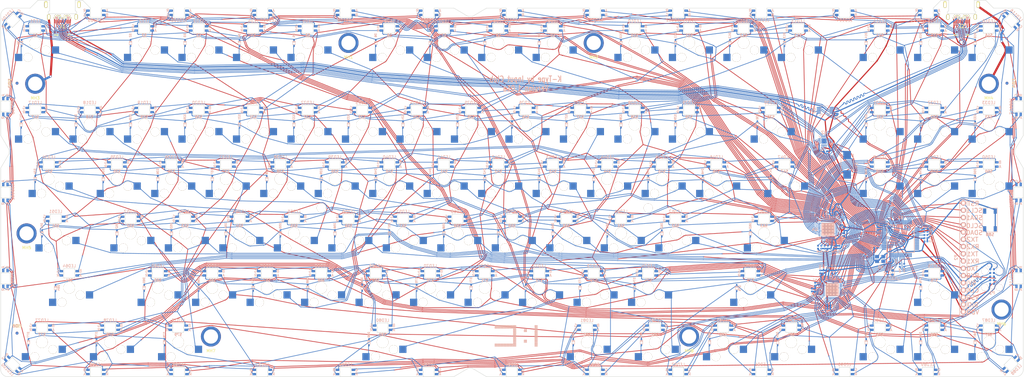
<source format=kicad_pcb>
(kicad_pcb (version 20171130) (host pcbnew "(5.1.2)-1")
  (title_block (title K-Type) (date 2017-11-02) (rev 1.01a) (company "Input Club"))
  (layers (0 Front signal) (31 Back signal) (34 B.Paste user) (35 F.Paste user) (36 B.SilkS user) (37 F.SilkS user) (38 B.Mask user) (39 F.Mask user) (44 Edge.Cuts user))
  (net 0 "")
  (net 1 +5V)
  (net 2 VSS)
  (net 3 VDD)
  (net 4 /mcu/MCU_RESET)
  (net 5 "Net-(D1-Pad1)")
  (net 6 "Net-(D2-Pad1)")
  (net 7 "Net-(D3-Pad1)")
  (net 8 "Net-(D4-Pad1)")
  (net 9 "Net-(D5-Pad1)")
  (net 10 "Net-(D6-Pad1)")
  (net 11 "Net-(D7-Pad1)")
  (net 12 "Net-(D8-Pad1)")
  (net 13 "Net-(D9-Pad1)")
  (net 14 "Net-(D10-Pad1)")
  (net 15 "Net-(D11-Pad1)")
  (net 16 "Net-(D12-Pad1)")
  (net 17 "Net-(D13-Pad1)")
  (net 18 "Net-(D14-Pad1)")
  (net 19 "Net-(D15-Pad1)")
  (net 20 "Net-(D16-Pad1)")
  (net 21 "Net-(D17-Pad1)")
  (net 22 "Net-(D18-Pad1)")
  (net 23 "Net-(D19-Pad1)")
  (net 24 "Net-(D20-Pad1)")
  (net 25 "Net-(D21-Pad1)")
  (net 26 "Net-(D22-Pad1)")
  (net 27 "Net-(D23-Pad1)")
  (net 28 "Net-(D24-Pad1)")
  (net 29 "Net-(D25-Pad1)")
  (net 30 "Net-(D26-Pad1)")
  (net 31 "Net-(D27-Pad1)")
  (net 32 "Net-(D28-Pad1)")
  (net 33 "Net-(D29-Pad1)")
  (net 34 "Net-(D30-Pad1)")
  (net 35 "Net-(D31-Pad1)")
  (net 36 "Net-(D32-Pad1)")
  (net 37 "Net-(D33-Pad1)")
  (net 38 "Net-(D34-Pad1)")
  (net 39 "Net-(D35-Pad1)")
  (net 40 "Net-(D36-Pad1)")
  (net 41 "Net-(D37-Pad1)")
  (net 42 "Net-(D38-Pad1)")
  (net 43 "Net-(D39-Pad1)")
  (net 44 "Net-(D40-Pad1)")
  (net 45 "Net-(D41-Pad1)")
  (net 46 "Net-(D42-Pad1)")
  (net 47 "Net-(D43-Pad1)")
  (net 48 "Net-(D44-Pad1)")
  (net 49 "Net-(D45-Pad1)")
  (net 50 "Net-(D46-Pad1)")
  (net 51 "Net-(D47-Pad1)")
  (net 52 "Net-(D48-Pad1)")
  (net 53 "Net-(D49-Pad1)")
  (net 54 "Net-(D50-Pad1)")
  (net 55 "Net-(D51-Pad1)")
  (net 56 "Net-(D52-Pad1)")
  (net 57 "Net-(D53-Pad1)")
  (net 58 "Net-(D54-Pad1)")
  (net 59 "Net-(D55-Pad1)")
  (net 60 "Net-(D56-Pad1)")
  (net 61 "Net-(D57-Pad1)")
  (net 62 "Net-(D58-Pad1)")
  (net 63 "Net-(D59-Pad1)")
  (net 64 "Net-(D60-Pad1)")
  (net 65 "Net-(D61-Pad1)")
  (net 66 "Net-(D62-Pad1)")
  (net 67 "Net-(D63-Pad1)")
  (net 68 "Net-(D64-Pad1)")
  (net 69 "Net-(D65-Pad1)")
  (net 70 "Net-(D66-Pad1)")
  (net 71 "Net-(D67-Pad1)")
  (net 72 "Net-(D68-Pad1)")
  (net 73 "Net-(D69-Pad1)")
  (net 74 "Net-(D70-Pad1)")
  (net 75 "Net-(D71-Pad1)")
  (net 76 "Net-(D72-Pad1)")
  (net 77 "Net-(D73-Pad1)")
  (net 78 "Net-(D74-Pad1)")
  (net 79 "Net-(D75-Pad1)")
  (net 80 "Net-(D76-Pad1)")
  (net 81 "Net-(D77-Pad1)")
  (net 82 "Net-(D78-Pad1)")
  (net 83 "Net-(D79-Pad1)")
  (net 84 "Net-(D80-Pad1)")
  (net 85 "Net-(D81-Pad1)")
  (net 86 "Net-(D82-Pad1)")
  (net 87 "Net-(D83-Pad1)")
  (net 88 "Net-(D84-Pad1)")
  (net 89 "Net-(D85-Pad1)")
  (net 90 "Net-(D86-Pad1)")
  (net 91 "Net-(D87-Pad1)")
  (net 92 /mcu/SHLD)
  (net 93 /mcu/INA+)
  (net 94 /mcu/INA-)
  (net 95 /mcu/D1-)
  (net 96 /mcu/D1+)
  (net 97 /mcu/INB+)
  (net 98 /mcu/INB-)
  (net 99 /mcu/D2-)
  (net 100 /mcu/D2+)
  (net 101 /mcu/PTA5)
  (net 102 /mcu/RX0)
  (net 103 /mcu/TX2)
  (net 104 /mcu/SWD_CLK)
  (net 105 /mcu/TX0)
  (net 106 /mcu/SWD_DIO)
  (net 107 /mcu/RX1)
  (net 108 /mcu/TX1)
  (net 109 /mcu/RX2)
  (net 110 /mcu/SDA0)
  (net 111 /mcu/SCL0)
  (net 112 /mcu/D+)
  (net 113 /mcu/USB_DP)
  (net 114 /mcu/D-)
  (net 115 /mcu/USB_DM)
  (net 116 /mcu/INTB)
  (net 117 /mcu/SDB)
  (net 118 /mcu/PTA12)
  (net 119 /mcu/PTA13)
  (net 120 "Net-(U1-Pad32)")
  (net 121 "Net-(U1-Pad33)")
  (net 122 "Net-(J1-Pad17)")
  (net 123 "Net-(J1-Pad20)")
  (net 124 "Net-(J1-Pad8)")
  (net 125 "Net-(J1-Pad5)")
  (net 126 "Net-(J2-Pad17)")
  (net 127 "Net-(J2-Pad5)")
  (net 128 /mcu/SDA1)
  (net 129 /mcu/SCL1)
  (net 130 "Net-(U1-Pad9)")
  (net 131 "Net-(U1-Pad10)")
  (net 132 "Net-(U1-Pad11)")
  (net 133 "Net-(U1-Pad12)")
  (net 134 "Net-(U1-Pad13)")
  (net 135 "Net-(U1-Pad14)")
  (net 136 "Net-(U1-Pad15)")
  (net 137 "Net-(U1-Pad16)")
  (net 138 "Net-(U1-Pad17)")
  (net 139 "Net-(U1-Pad18)")
  (net 140 "Net-(U1-Pad19)")
  (net 141 "Net-(U1-Pad20)")
  (net 142 /mcu/PTA4)
  (net 143 /Row1)
  (net 144 /Row2)
  (net 145 /Row3)
  (net 146 /Row4)
  (net 147 /Row5)
  (net 148 /Row6)
  (net 149 /Row7)
  (net 150 /Row8)
  (net 151 /Row9)
  (net 152 /Row10)
  (net 153 /Col1)
  (net 154 /Col2)
  (net 155 /Col3)
  (net 156 /Col4)
  (net 157 /Col5)
  (net 158 /Col6)
  (net 159 /Col7)
  (net 160 /Col8)
  (net 161 /Col9)
  (net 162 /Col10)
  (net 163 "Net-(J2-Pad8)")
  (net 164 "Net-(J2-Pad20)")
  (net 165 "Net-(LED120-Pad2)")
  (net 166 /ledmatrix/LD1_SW1)
  (net 167 /ledmatrix/LD1_SW2)
  (net 168 /ledmatrix/LD1_CS1)
  (net 169 /ledmatrix/LD1_SW3)
  (net 170 /ledmatrix/LD1_CS2)
  (net 171 /ledmatrix/LD1_CS3)
  (net 172 /ledmatrix/LD1_CS4)
  (net 173 /ledmatrix/LD1_CS5)
  (net 174 /ledmatrix/LD1_CS6)
  (net 175 /ledmatrix/LD1_CS7)
  (net 176 /ledmatrix/LD1_CS8)
  (net 177 /ledmatrix/LD1_CS9)
  (net 178 /ledmatrix/LD1_CS10)
  (net 179 /ledmatrix/LD1_CS11)
  (net 180 /ledmatrix/LD1_CS12)
  (net 181 /ledmatrix/LD1_CS13)
  (net 182 /ledmatrix/LD1_CS14)
  (net 183 /ledmatrix/LD1_CS15)
  (net 184 /ledmatrix/LD1_CS16)
  (net 185 /ledmatrix/LD1_SW4)
  (net 186 /ledmatrix/LD1_SW5)
  (net 187 /ledmatrix/LD1_SW6)
  (net 188 /ledmatrix/LD1_SW7)
  (net 189 /ledmatrix/LD1_SW8)
  (net 190 /ledmatrix/LD1_SW9)
  (net 191 /ledmatrix/LD1_SW10)
  (net 192 /ledmatrix/LD1_SW11)
  (net 193 /ledmatrix/LD1_SW12)
  (net 194 /ledmatrix/LD2_SW1)
  (net 195 /ledmatrix/LD2_SW2)
  (net 196 /ledmatrix/LD2_CS1)
  (net 197 /ledmatrix/LD2_SW3)
  (net 198 /ledmatrix/LD2_CS2)
  (net 199 /ledmatrix/LD2_CS3)
  (net 200 /ledmatrix/LD2_CS4)
  (net 201 /ledmatrix/LD2_CS5)
  (net 202 /ledmatrix/LD2_CS6)
  (net 203 /ledmatrix/LD2_CS7)
  (net 204 /ledmatrix/LD2_CS8)
  (net 205 /ledmatrix/LD2_CS9)
  (net 206 /ledmatrix/LD2_CS10)
  (net 207 /ledmatrix/LD2_CS11)
  (net 208 /ledmatrix/LD2_CS12)
  (net 209 /ledmatrix/LD2_CS13)
  (net 210 /ledmatrix/LD2_CS14)
  (net 211 /ledmatrix/LD2_CS15)
  (net 212 /ledmatrix/LD2_CS16)
  (net 213 /ledmatrix/LD2_SW4)
  (net 214 /ledmatrix/LD2_SW5)
  (net 215 /ledmatrix/LD2_SW6)
  (net 216 /ledmatrix/LD2_SW9)
  (net 217 /ledmatrix/LD2_SW8)
  (net 218 /ledmatrix/LD2_SW7)
  (net 219 /ledmatrix/LD2_SW12)
  (net 220 /ledmatrix/LD2_SW11)
  (net 221 /ledmatrix/LD2_SW10)
  (net 222 "Net-(S88-Pad1)")
  (net 223 "Net-(R14-Pad1)")
  (net 224 "Net-(R9-Pad1)")
  (net 225 "Net-(R17-Pad1)")
  (net 226 /mcu/SYNC)
  (net 227 "Net-(U5-Pad45)")
  (net 228 "Net-(R15-Pad1)")
  (module lib.pretty:QFN-48-6mm-vias (layer Back) (at 319.913 129.222 180)
    (fp_text reference U5 (at -4.445 -0.127 180) (layer B.SilkS) (effects (font (thickness 0.2)) (justify mirror)))
    (fp_text value IS31FL3733 hide)
    (pad 48 thru_hole rect (at 1.65 1.65 180) (size 1.1 1.1) (drill 0.254) (layers *.Cu B.SilkS B.Mask) (net 2 VSS))
    (pad 48 thru_hole rect (at 0.55 1.65 180) (size 1.1 1.1) (drill 0.254) (layers *.Cu B.SilkS B.Mask) (net 2 VSS))
    (pad 48 thru_hole rect (at -1.65 1.65 180) (size 1.1 1.1) (drill 0.254) (layers *.Cu B.SilkS B.Mask) (net 2 VSS))
    (pad 48 thru_hole rect (at -0.55 1.65 180) (size 1.1 1.1) (drill 0.254) (layers *.Cu B.SilkS B.Mask) (net 2 VSS))
    (pad 48 smd rect (at -2.2 2.925 180) (size 0.2 0.75) (layers Back B.Paste B.Mask) (net 2 VSS))
    (pad 47 smd rect (at -1.8 2.925 180) (size 0.2 0.75) (layers Back B.Paste B.Mask) (net 101 /mcu/PTA5))
    (pad 46 smd rect (at -1.4 2.925 180) (size 0.2 0.75) (layers Back B.Paste B.Mask) (net 117 /mcu/SDB))
    (pad 45 smd rect (at -1 2.925 180) (size 0.2 0.75) (layers Back B.Paste B.Mask) (net 227 "Net-(U5-Pad45)"))
    (pad 44 smd rect (at -0.6 2.925 180) (size 0.2 0.75) (layers Back B.Paste B.Mask) (net 2 VSS))
    (pad 43 smd rect (at -0.2 2.925 180) (size 0.2 0.75) (layers Back B.Paste B.Mask) (net 2 VSS))
    (pad 42 smd rect (at 0.2 2.925 180) (size 0.2 0.75) (layers Back B.Paste B.Mask) (net 129 /mcu/SCL1))
    (pad 41 smd rect (at 0.6 2.925 180) (size 0.2 0.75) (layers Back B.Paste B.Mask) (net 128 /mcu/SDA1))
    (pad 40 smd rect (at 1 2.925 180) (size 0.2 0.75) (layers Back B.Paste B.Mask) (net 226 /mcu/SYNC))
    (pad 39 smd rect (at 1.4 2.925 180) (size 0.2 0.75) (layers Back B.Paste B.Mask) (net 3 VDD))
    (pad 38 smd rect (at 1.8 2.925 180) (size 0.2 0.75) (layers Back B.Paste B.Mask) (net 1 +5V))
    (pad 37 smd rect (at 2.2 2.925 180) (size 0.2 0.75) (layers Back B.Paste B.Mask) (net 1 +5V))
    (pad 32 smd rect (at 2.925 0.6 180) (size 0.75 0.2) (layers Back B.Paste B.Mask) (net 211 /ledmatrix/LD2_CS15))
    (pad 31 smd rect (at 2.925 0.2 180) (size 0.75 0.2) (layers Back B.Paste B.Mask) (net 210 /ledmatrix/LD2_CS14))
    (pad 30 smd rect (at 2.925 -0.2 180) (size 0.75 0.2) (layers Back B.Paste B.Mask) (net 209 /ledmatrix/LD2_CS13))
    (pad 29 smd rect (at 2.925 -0.6 180) (size 0.75 0.2) (layers Back B.Paste B.Mask) (net 1 +5V))
    (pad 28 smd rect (at 2.925 -1 180) (size 0.75 0.2) (layers Back B.Paste B.Mask) (net 208 /ledmatrix/LD2_CS12))
    (pad 27 smd rect (at 2.925 -1.4 180) (size 0.75 0.2) (layers Back B.Paste B.Mask) (net 207 /ledmatrix/LD2_CS11))
    (pad 26 smd rect (at 2.925 -1.8 180) (size 0.75 0.2) (layers Back B.Paste B.Mask) (net 206 /ledmatrix/LD2_CS10))
    (pad 25 smd rect (at 2.925 -2.2 180) (size 0.75 0.2) (layers Back B.Paste B.Mask) (net 205 /ledmatrix/LD2_CS9))
    (pad 16 smd rect (at -1 -2.925 180) (size 0.2 0.75) (layers Back B.Paste B.Mask) (net 196 /ledmatrix/LD2_CS1))
    (pad 15 smd rect (at -1.4 -2.925 180) (size 0.2 0.75) (layers Back B.Paste B.Mask) (net 219 /ledmatrix/LD2_SW12))
    (pad 14 smd rect (at -1.8 -2.925 180) (size 0.2 0.75) (layers Back B.Paste B.Mask) (net 220 /ledmatrix/LD2_SW11))
    (pad 13 smd rect (at -2.2 -2.925 180) (size 0.2 0.75) (layers Back B.Paste B.Mask) (net 221 /ledmatrix/LD2_SW10))
    (pad 24 smd rect (at 2.2 -2.925 180) (size 0.2 0.75) (layers Back B.Paste B.Mask) (net 204 /ledmatrix/LD2_CS8))
    (pad 23 smd rect (at 1.8 -2.925 180) (size 0.2 0.75) (layers Back B.Paste B.Mask) (net 203 /ledmatrix/LD2_CS7))
    (pad 22 smd rect (at 1.4 -2.925 180) (size 0.2 0.75) (layers Back B.Paste B.Mask) (net 202 /ledmatrix/LD2_CS6))
    (pad 21 smd rect (at 1 -2.925 180) (size 0.2 0.75) (layers Back B.Paste B.Mask) (net 201 /ledmatrix/LD2_CS5))
    (pad 20 smd rect (at 0.6 -2.925 180) (size 0.2 0.75) (layers Back B.Paste B.Mask) (net 1 +5V))
    (pad 19 smd rect (at 0.2 -2.925 180) (size 0.2 0.75) (layers Back B.Paste B.Mask) (net 200 /ledmatrix/LD2_CS4))
    (pad 18 smd rect (at -0.2 -2.925 180) (size 0.2 0.75) (layers Back B.Paste B.Mask) (net 199 /ledmatrix/LD2_CS3))
    (pad 17 smd rect (at -0.6 -2.925 180) (size 0.2 0.75) (layers Back B.Paste B.Mask) (net 198 /ledmatrix/LD2_CS2))
    (pad 36 smd rect (at 2.925 2.2 180) (size 0.75 0.2) (layers Back B.Paste B.Mask))
    (pad 35 smd rect (at 2.925 1.8 180) (size 0.75 0.2) (layers Back B.Paste B.Mask) (net 225 "Net-(R17-Pad1)"))
    (pad 34 smd rect (at 2.925 1.4 180) (size 0.75 0.2) (layers Back B.Paste B.Mask) (net 2 VSS))
    (pad 33 smd rect (at 2.925 1 180) (size 0.75 0.2) (layers Back B.Paste B.Mask) (net 212 /ledmatrix/LD2_CS16))
    (pad 12 smd rect (at -2.925 -2.2 180) (size 0.75 0.2) (layers Back B.Paste B.Mask) (net 2 VSS))
    (pad 11 smd rect (at -2.925 -1.8 180) (size 0.75 0.2) (layers Back B.Paste B.Mask) (net 216 /ledmatrix/LD2_SW9))
    (pad 10 smd rect (at -2.925 -1.4 180) (size 0.75 0.2) (layers Back B.Paste B.Mask) (net 217 /ledmatrix/LD2_SW8))
    (pad 9 smd rect (at -2.925 -1 180) (size 0.75 0.2) (layers Back B.Paste B.Mask) (net 218 /ledmatrix/LD2_SW7))
    (pad 8 smd rect (at -2.925 -0.6 180) (size 0.75 0.2) (layers Back B.Paste B.Mask) (net 215 /ledmatrix/LD2_SW6))
    (pad 7 smd rect (at -2.925 -0.2 180) (size 0.75 0.2) (layers Back B.Paste B.Mask) (net 214 /ledmatrix/LD2_SW5))
    (pad 6 smd rect (at -2.925 0.2 180) (size 0.75 0.2) (layers Back B.Paste B.Mask) (net 213 /ledmatrix/LD2_SW4))
    (pad 5 smd rect (at -2.925 0.6 180) (size 0.75 0.2) (layers Back B.Paste B.Mask) (net 2 VSS))
    (pad 4 smd rect (at -2.925 1 180) (size 0.75 0.2) (layers Back B.Paste B.Mask) (net 197 /ledmatrix/LD2_SW3))
    (pad 3 smd rect (at -2.925 1.4 180) (size 0.75 0.2) (layers Back B.Paste B.Mask) (net 195 /ledmatrix/LD2_SW2))
    (pad 2 smd rect (at -2.925 1.8 180) (size 0.75 0.2) (layers Back B.Paste B.Mask) (net 194 /ledmatrix/LD2_SW1))
    (pad 1 smd rect (at -2.925 2.2 180) (size 0.75 0.2) (layers Back B.Paste B.Mask))
    (pad 48 thru_hole rect (at -0.55 0.55 180) (size 1.1 1.1) (drill 0.254) (layers *.Cu B.SilkS B.Mask) (net 2 VSS))
    (pad 48 thru_hole rect (at -1.65 0.55 180) (size 1.1 1.1) (drill 0.254) (layers *.Cu B.SilkS B.Mask) (net 2 VSS))
    (pad 48 thru_hole rect (at 0.55 0.55 180) (size 1.1 1.1) (drill 0.254) (layers *.Cu B.SilkS B.Mask) (net 2 VSS))
    (pad 48 thru_hole rect (at 1.65 0.55 180) (size 1.1 1.1) (drill 0.254) (layers *.Cu B.SilkS B.Mask) (net 2 VSS))
    (pad 48 thru_hole rect (at 1.65 -1.65 180) (size 1.1 1.1) (drill 0.254) (layers *.Cu B.SilkS B.Mask) (net 2 VSS))
    (pad 48 thru_hole rect (at 0.55 -1.65 180) (size 1.1 1.1) (drill 0.254) (layers *.Cu B.SilkS B.Mask) (net 2 VSS))
    (pad 48 thru_hole rect (at -1.65 -1.65 180) (size 1.1 1.1) (drill 0.254) (layers *.Cu B.SilkS B.Mask) (net 2 VSS))
    (pad 48 thru_hole rect (at -0.55 -1.65 180) (size 1.1 1.1) (drill 0.254) (layers *.Cu B.SilkS B.Mask) (net 2 VSS))
    (pad 48 thru_hole rect (at -0.55 -0.55 180) (size 1.1 1.1) (drill 0.254) (layers *.Cu B.SilkS B.Mask) (net 2 VSS))
    (pad 48 thru_hole rect (at -1.65 -0.55 180) (size 1.1 1.1) (drill 0.254) (layers *.Cu B.SilkS B.Mask) (net 2 VSS))
    (pad 48 thru_hole rect (at 0.55 -0.55 180) (size 1.1 1.1) (drill 0.254) (layers *.Cu B.SilkS B.Mask) (net 2 VSS))
    (pad 48 thru_hole rect (at 1.65 -0.55 180) (size 1.1 1.1) (drill 0.254) (layers *.Cu B.SilkS B.Mask) (net 2 VSS))
  )
  (module lib.pretty:QFN-48-6mm-vias (layer Back) (at 318.389 108.14)
    (fp_text reference U4 (at -4.572 0) (layer B.SilkS) (effects (font (thickness 0.2)) (justify mirror)))
    (fp_text value IS31FL3733 hide)
    (pad 48 thru_hole rect (at 1.65 1.65) (size 1.1 1.1) (drill 0.254) (layers *.Cu B.SilkS B.Mask) (net 2 VSS))
    (pad 48 thru_hole rect (at 0.55 1.65) (size 1.1 1.1) (drill 0.254) (layers *.Cu B.SilkS B.Mask) (net 2 VSS))
    (pad 48 thru_hole rect (at -1.65 1.65) (size 1.1 1.1) (drill 0.254) (layers *.Cu B.SilkS B.Mask) (net 2 VSS))
    (pad 48 thru_hole rect (at -0.55 1.65) (size 1.1 1.1) (drill 0.254) (layers *.Cu B.SilkS B.Mask) (net 2 VSS))
    (pad 48 smd rect (at -2.2 2.925) (size 0.2 0.75) (layers Back B.Paste B.Mask) (net 2 VSS))
    (pad 47 smd rect (at -1.8 2.925) (size 0.2 0.75) (layers Back B.Paste B.Mask) (net 101 /mcu/PTA5))
    (pad 46 smd rect (at -1.4 2.925) (size 0.2 0.75) (layers Back B.Paste B.Mask) (net 117 /mcu/SDB))
    (pad 45 smd rect (at -1 2.925) (size 0.2 0.75) (layers Back B.Paste B.Mask) (net 116 /mcu/INTB))
    (pad 44 smd rect (at -0.6 2.925) (size 0.2 0.75) (layers Back B.Paste B.Mask) (net 2 VSS))
    (pad 43 smd rect (at -0.2 2.925) (size 0.2 0.75) (layers Back B.Paste B.Mask) (net 2 VSS))
    (pad 42 smd rect (at 0.2 2.925) (size 0.2 0.75) (layers Back B.Paste B.Mask) (net 111 /mcu/SCL0))
    (pad 41 smd rect (at 0.6 2.925) (size 0.2 0.75) (layers Back B.Paste B.Mask) (net 110 /mcu/SDA0))
    (pad 40 smd rect (at 1 2.925) (size 0.2 0.75) (layers Back B.Paste B.Mask) (net 226 /mcu/SYNC))
    (pad 39 smd rect (at 1.4 2.925) (size 0.2 0.75) (layers Back B.Paste B.Mask) (net 3 VDD))
    (pad 38 smd rect (at 1.8 2.925) (size 0.2 0.75) (layers Back B.Paste B.Mask) (net 1 +5V))
    (pad 37 smd rect (at 2.2 2.925) (size 0.2 0.75) (layers Back B.Paste B.Mask) (net 1 +5V))
    (pad 32 smd rect (at 2.925 0.6) (size 0.75 0.2) (layers Back B.Paste B.Mask) (net 183 /ledmatrix/LD1_CS15))
    (pad 31 smd rect (at 2.925 0.2) (size 0.75 0.2) (layers Back B.Paste B.Mask) (net 182 /ledmatrix/LD1_CS14))
    (pad 30 smd rect (at 2.925 -0.2) (size 0.75 0.2) (layers Back B.Paste B.Mask) (net 181 /ledmatrix/LD1_CS13))
    (pad 29 smd rect (at 2.925 -0.6) (size 0.75 0.2) (layers Back B.Paste B.Mask) (net 1 +5V))
    (pad 28 smd rect (at 2.925 -1) (size 0.75 0.2) (layers Back B.Paste B.Mask) (net 180 /ledmatrix/LD1_CS12))
    (pad 27 smd rect (at 2.925 -1.4) (size 0.75 0.2) (layers Back B.Paste B.Mask) (net 179 /ledmatrix/LD1_CS11))
    (pad 26 smd rect (at 2.925 -1.8) (size 0.75 0.2) (layers Back B.Paste B.Mask) (net 178 /ledmatrix/LD1_CS10))
    (pad 25 smd rect (at 2.925 -2.2) (size 0.75 0.2) (layers Back B.Paste B.Mask) (net 177 /ledmatrix/LD1_CS9))
    (pad 16 smd rect (at -1 -2.925) (size 0.2 0.75) (layers Back B.Paste B.Mask) (net 168 /ledmatrix/LD1_CS1))
    (pad 15 smd rect (at -1.4 -2.925) (size 0.2 0.75) (layers Back B.Paste B.Mask) (net 193 /ledmatrix/LD1_SW12))
    (pad 14 smd rect (at -1.8 -2.925) (size 0.2 0.75) (layers Back B.Paste B.Mask) (net 192 /ledmatrix/LD1_SW11))
    (pad 13 smd rect (at -2.2 -2.925) (size 0.2 0.75) (layers Back B.Paste B.Mask) (net 191 /ledmatrix/LD1_SW10))
    (pad 24 smd rect (at 2.2 -2.925) (size 0.2 0.75) (layers Back B.Paste B.Mask) (net 176 /ledmatrix/LD1_CS8))
    (pad 23 smd rect (at 1.8 -2.925) (size 0.2 0.75) (layers Back B.Paste B.Mask) (net 175 /ledmatrix/LD1_CS7))
    (pad 22 smd rect (at 1.4 -2.925) (size 0.2 0.75) (layers Back B.Paste B.Mask) (net 174 /ledmatrix/LD1_CS6))
    (pad 21 smd rect (at 1 -2.925) (size 0.2 0.75) (layers Back B.Paste B.Mask) (net 173 /ledmatrix/LD1_CS5))
    (pad 20 smd rect (at 0.6 -2.925) (size 0.2 0.75) (layers Back B.Paste B.Mask) (net 1 +5V))
    (pad 19 smd rect (at 0.2 -2.925) (size 0.2 0.75) (layers Back B.Paste B.Mask) (net 172 /ledmatrix/LD1_CS4))
    (pad 18 smd rect (at -0.2 -2.925) (size 0.2 0.75) (layers Back B.Paste B.Mask) (net 171 /ledmatrix/LD1_CS3))
    (pad 17 smd rect (at -0.6 -2.925) (size 0.2 0.75) (layers Back B.Paste B.Mask) (net 170 /ledmatrix/LD1_CS2))
    (pad 36 smd rect (at 2.925 2.2) (size 0.75 0.2) (layers Back B.Paste B.Mask))
    (pad 35 smd rect (at 2.925 1.8) (size 0.75 0.2) (layers Back B.Paste B.Mask) (net 224 "Net-(R9-Pad1)"))
    (pad 34 smd rect (at 2.925 1.4) (size 0.75 0.2) (layers Back B.Paste B.Mask) (net 2 VSS))
    (pad 33 smd rect (at 2.925 1) (size 0.75 0.2) (layers Back B.Paste B.Mask) (net 184 /ledmatrix/LD1_CS16))
    (pad 12 smd rect (at -2.925 -2.2) (size 0.75 0.2) (layers Back B.Paste B.Mask) (net 2 VSS))
    (pad 11 smd rect (at -2.925 -1.8) (size 0.75 0.2) (layers Back B.Paste B.Mask) (net 190 /ledmatrix/LD1_SW9))
    (pad 10 smd rect (at -2.925 -1.4) (size 0.75 0.2) (layers Back B.Paste B.Mask) (net 189 /ledmatrix/LD1_SW8))
    (pad 9 smd rect (at -2.925 -1) (size 0.75 0.2) (layers Back B.Paste B.Mask) (net 188 /ledmatrix/LD1_SW7))
    (pad 8 smd rect (at -2.925 -0.6) (size 0.75 0.2) (layers Back B.Paste B.Mask) (net 187 /ledmatrix/LD1_SW6))
    (pad 7 smd rect (at -2.925 -0.2) (size 0.75 0.2) (layers Back B.Paste B.Mask) (net 186 /ledmatrix/LD1_SW5))
    (pad 6 smd rect (at -2.925 0.2) (size 0.75 0.2) (layers Back B.Paste B.Mask) (net 185 /ledmatrix/LD1_SW4))
    (pad 5 smd rect (at -2.925 0.6) (size 0.75 0.2) (layers Back B.Paste B.Mask) (net 2 VSS))
    (pad 4 smd rect (at -2.925 1) (size 0.75 0.2) (layers Back B.Paste B.Mask) (net 169 /ledmatrix/LD1_SW3))
    (pad 3 smd rect (at -2.925 1.4) (size 0.75 0.2) (layers Back B.Paste B.Mask) (net 167 /ledmatrix/LD1_SW2))
    (pad 2 smd rect (at -2.925 1.8) (size 0.75 0.2) (layers Back B.Paste B.Mask) (net 166 /ledmatrix/LD1_SW1))
    (pad 1 smd rect (at -2.925 2.2) (size 0.75 0.2) (layers Back B.Paste B.Mask))
    (pad 48 thru_hole rect (at -0.55 0.55) (size 1.1 1.1) (drill 0.254) (layers *.Cu B.SilkS B.Mask) (net 2 VSS))
    (pad 48 thru_hole rect (at -1.65 0.55) (size 1.1 1.1) (drill 0.254) (layers *.Cu B.SilkS B.Mask) (net 2 VSS))
    (pad 48 thru_hole rect (at 0.55 0.55) (size 1.1 1.1) (drill 0.254) (layers *.Cu B.SilkS B.Mask) (net 2 VSS))
    (pad 48 thru_hole rect (at 1.65 0.55) (size 1.1 1.1) (drill 0.254) (layers *.Cu B.SilkS B.Mask) (net 2 VSS))
    (pad 48 thru_hole rect (at 1.65 -1.65) (size 1.1 1.1) (drill 0.254) (layers *.Cu B.SilkS B.Mask) (net 2 VSS))
    (pad 48 thru_hole rect (at 0.55 -1.65) (size 1.1 1.1) (drill 0.254) (layers *.Cu B.SilkS B.Mask) (net 2 VSS))
    (pad 48 thru_hole rect (at -1.65 -1.65) (size 1.1 1.1) (drill 0.254) (layers *.Cu B.SilkS B.Mask) (net 2 VSS))
    (pad 48 thru_hole rect (at -0.55 -1.65) (size 1.1 1.1) (drill 0.254) (layers *.Cu B.SilkS B.Mask) (net 2 VSS))
    (pad 48 thru_hole rect (at -0.55 -0.55) (size 1.1 1.1) (drill 0.254) (layers *.Cu B.SilkS B.Mask) (net 2 VSS))
    (pad 48 thru_hole rect (at -1.65 -0.55) (size 1.1 1.1) (drill 0.254) (layers *.Cu B.SilkS B.Mask) (net 2 VSS))
    (pad 48 thru_hole rect (at 0.55 -0.55) (size 1.1 1.1) (drill 0.254) (layers *.Cu B.SilkS B.Mask) (net 2 VSS))
    (pad 48 thru_hole rect (at 1.65 -0.55) (size 1.1 1.1) (drill 0.254) (layers *.Cu B.SilkS B.Mask) (net 2 VSS))
  )
  (module lib.pretty:SW_SOCKET_COMBINED_T (layer Front) (at 355.6 42.8625 180)
    (fp_text reference S15 (at 0 2.667 180) (layer B.SilkS) (effects (font (size 0.9 0.9) (thickness 0.2)) (justify mirror)))
    (fp_text value SW hide)
    (pad 2 smd rect (at 5.815 -5.08 180) (size 2.54 2.54) (layers Back B.Paste B.Mask) (net 19 "Net-(D15-Pad1)"))
    (pad 1 smd rect (at -7.085 -2.4765 180) (size 2.54 2.54) (layers Back B.Paste B.Mask) (net 157 /Col5))
    (pad "" np_thru_hole circle (at 2.54 -5.08 180) (size 3.048254 3.048254) (drill 3.048) (layers *.Cu *.Mask F.SilkS) (clearance 0.1397))
    (pad "" np_thru_hole circle (at -3.81 -2.54 180) (size 3.048254 3.048254) (drill 3.048) (layers *.Cu *.Mask F.SilkS) (clearance 0.1397))
    (pad "" np_thru_hole circle (at 0 0 180) (size 3.987825 3.987825) (drill 3.9878) (layers *.Cu *.Mask F.SilkS) (clearance 0.1397))
  )
  (module lib.pretty:SW_SOCKET_COMBINED_T (layer Front) (at 303.212 90.4875 180)
    (fp_text reference S47 (at 0 2.667 180) (layer B.SilkS) (effects (font (size 0.9 0.9) (thickness 0.2)) (justify mirror)))
    (fp_text value SW hide)
    (pad 2 smd rect (at 5.815 -5.08 180) (size 2.54 2.54) (layers Back B.Paste B.Mask) (net 51 "Net-(D47-Pad1)"))
    (pad 1 smd rect (at -7.085 -2.4765 180) (size 2.54 2.54) (layers Back B.Paste B.Mask) (net 161 /Col9))
    (pad "" np_thru_hole circle (at 2.54 -5.08 180) (size 3.048254 3.048254) (drill 3.048) (layers *.Cu *.Mask F.SilkS) (clearance 0.1397))
    (pad "" np_thru_hole circle (at -3.81 -2.54 180) (size 3.048254 3.048254) (drill 3.048) (layers *.Cu *.Mask F.SilkS) (clearance 0.1397))
    (pad "" np_thru_hole circle (at 0 0 180) (size 3.987825 3.987825) (drill 3.9878) (layers *.Cu *.Mask F.SilkS) (clearance 0.1397))
  )
  (module lib.pretty:SW_SOCKET_COMBINED_T (layer Front) (at 46.0375 90.4875 180)
    (fp_text reference S34 (at 0 2.667 180) (layer B.SilkS) (effects (font (size 0.9 0.9) (thickness 0.2)) (justify mirror)))
    (fp_text value SW hide)
    (pad 2 smd rect (at 5.815 -5.08 180) (size 2.54 2.54) (layers Back B.Paste B.Mask) (net 38 "Net-(D34-Pad1)"))
    (pad 1 smd rect (at -7.085 -2.4765 180) (size 2.54 2.54) (layers Back B.Paste B.Mask) (net 158 /Col6))
    (pad "" np_thru_hole circle (at 2.54 -5.08 180) (size 3.048254 3.048254) (drill 3.048) (layers *.Cu *.Mask F.SilkS) (clearance 0.1397))
    (pad "" np_thru_hole circle (at -3.81 -2.54 180) (size 3.048254 3.048254) (drill 3.048) (layers *.Cu *.Mask F.SilkS) (clearance 0.1397))
    (pad "" np_thru_hole circle (at 0 0 180) (size 3.987825 3.987825) (drill 3.9878) (layers *.Cu *.Mask F.SilkS) (clearance 0.1397))
  )
  (module lib.pretty:SW_SOCKET_COMBINED_T (layer Front) (at 53.1812 128.588 180)
    (fp_text reference S64 (at 0 2.667 180) (layer B.SilkS) (effects (font (size 0.9 0.9) (thickness 0.2)) (justify mirror)))
    (fp_text value SW hide)
    (pad 2 smd rect (at 5.815 -5.08 180) (size 2.54 2.54) (layers Back B.Paste B.Mask) (net 68 "Net-(D64-Pad1)"))
    (pad 1 smd rect (at -7.085 -2.4765 180) (size 2.54 2.54) (layers Back B.Paste B.Mask) (net 161 /Col9))
    (pad "" np_thru_hole circle (at 2.54 -5.08 180) (size 3.048254 3.048254) (drill 3.048) (layers *.Cu *.Mask F.SilkS) (clearance 0.1397))
    (pad "" np_thru_hole circle (at -3.81 -2.54 180) (size 3.048254 3.048254) (drill 3.048) (layers *.Cu *.Mask F.SilkS) (clearance 0.1397))
    (pad "" np_thru_hole circle (at 0 0 180) (size 3.987825 3.987825) (drill 3.9878) (layers *.Cu *.Mask F.SilkS) (clearance 0.1397))
  )
  (module lib.pretty:SW_SOCKET_COMBINED_T (layer Front) (at 296.069 109.538 180)
    (fp_text reference S63 (at 0 2.667 180) (layer B.SilkS) (effects (font (size 0.9 0.9) (thickness 0.2)) (justify mirror)))
    (fp_text value SW hide)
    (pad 2 smd rect (at 5.815 -5.08 180) (size 2.54 2.54) (layers Back B.Paste B.Mask) (net 67 "Net-(D63-Pad1)"))
    (pad 1 smd rect (at -7.085 -2.4765 180) (size 2.54 2.54) (layers Back B.Paste B.Mask) (net 159 /Col7))
    (pad "" np_thru_hole circle (at 2.54 -5.08 180) (size 3.048254 3.048254) (drill 3.048) (layers *.Cu *.Mask F.SilkS) (clearance 0.1397))
    (pad "" np_thru_hole circle (at -3.81 -2.54 180) (size 3.048254 3.048254) (drill 3.048) (layers *.Cu *.Mask F.SilkS) (clearance 0.1397))
    (pad "" np_thru_hole circle (at 0 0 180) (size 3.987825 3.987825) (drill 3.9878) (layers *.Cu *.Mask F.SilkS) (clearance 0.1397))
  )
  (module lib.pretty:SW_SOCKET_COMBINED_T (layer Front) (at 48.4188 109.538 180)
    (fp_text reference S51 (at 0 2.667 180) (layer B.SilkS) (effects (font (size 0.9 0.9) (thickness 0.2)) (justify mirror)))
    (fp_text value SW hide)
    (pad 2 smd rect (at 5.815 -5.08 180) (size 2.54 2.54) (layers Back B.Paste B.Mask) (net 55 "Net-(D51-Pad1)"))
    (pad 1 smd rect (at -7.085 -2.4765 180) (size 2.54 2.54) (layers Back B.Paste B.Mask) (net 156 /Col4))
    (pad "" np_thru_hole circle (at 2.54 -5.08 180) (size 3.048254 3.048254) (drill 3.048) (layers *.Cu *.Mask F.SilkS) (clearance 0.1397))
    (pad "" np_thru_hole circle (at -3.81 -2.54 180) (size 3.048254 3.048254) (drill 3.048) (layers *.Cu *.Mask F.SilkS) (clearance 0.1397))
    (pad "" np_thru_hole circle (at 0 0 180) (size 3.987825 3.987825) (drill 3.9878) (layers *.Cu *.Mask F.SilkS) (clearance 0.1397))
  )
  (module lib.pretty:SW_SOCKET_COMBINED_T (layer Front) (at 41.275 71.4375 180)
    (fp_text reference S17 (at 0 2.667 180) (layer B.SilkS) (effects (font (size 0.9 0.9) (thickness 0.2)) (justify mirror)))
    (fp_text value SW hide)
    (pad 2 smd rect (at 5.815 -5.08 180) (size 2.54 2.54) (layers Back B.Paste B.Mask) (net 21 "Net-(D17-Pad1)"))
    (pad 1 smd rect (at -7.085 -2.4765 180) (size 2.54 2.54) (layers Back B.Paste B.Mask) (net 159 /Col7))
    (pad "" np_thru_hole circle (at 2.54 -5.08 180) (size 3.048254 3.048254) (drill 3.048) (layers *.Cu *.Mask F.SilkS) (clearance 0.1397))
    (pad "" np_thru_hole circle (at -3.81 -2.54 180) (size 3.048254 3.048254) (drill 3.048) (layers *.Cu *.Mask F.SilkS) (clearance 0.1397))
    (pad "" np_thru_hole circle (at 0 0 180) (size 3.987825 3.987825) (drill 3.9878) (layers *.Cu *.Mask F.SilkS) (clearance 0.1397))
  )
  (module lib.pretty:SW_SOCKET_COMBINED_T (layer Front) (at 60.325 71.4375 180)
    (fp_text reference S18 (at 0 2.667 180) (layer B.SilkS) (effects (font (size 0.9 0.9) (thickness 0.2)) (justify mirror)))
    (fp_text value SW hide)
    (pad 2 smd rect (at 5.815 -5.08 180) (size 2.54 2.54) (layers Back B.Paste B.Mask) (net 22 "Net-(D18-Pad1)"))
    (pad 1 smd rect (at -7.085 -2.4765 180) (size 2.54 2.54) (layers Back B.Paste B.Mask) (net 160 /Col8))
    (pad "" np_thru_hole circle (at 2.54 -5.08 180) (size 3.048254 3.048254) (drill 3.048) (layers *.Cu *.Mask F.SilkS) (clearance 0.1397))
    (pad "" np_thru_hole circle (at -3.81 -2.54 180) (size 3.048254 3.048254) (drill 3.048) (layers *.Cu *.Mask F.SilkS) (clearance 0.1397))
    (pad "" np_thru_hole circle (at 0 0 180) (size 3.987825 3.987825) (drill 3.9878) (layers *.Cu *.Mask F.SilkS) (clearance 0.1397))
  )
  (module lib.pretty:SW_SOCKET_COMBINED_T (layer Front) (at 79.375 71.4375 180)
    (fp_text reference S19 (at 0 2.667 180) (layer B.SilkS) (effects (font (size 0.9 0.9) (thickness 0.2)) (justify mirror)))
    (fp_text value SW hide)
    (pad 2 smd rect (at 5.815 -5.08 180) (size 2.54 2.54) (layers Back B.Paste B.Mask) (net 23 "Net-(D19-Pad1)"))
    (pad 1 smd rect (at -7.085 -2.4765 180) (size 2.54 2.54) (layers Back B.Paste B.Mask) (net 161 /Col9))
    (pad "" np_thru_hole circle (at 2.54 -5.08 180) (size 3.048254 3.048254) (drill 3.048) (layers *.Cu *.Mask F.SilkS) (clearance 0.1397))
    (pad "" np_thru_hole circle (at -3.81 -2.54 180) (size 3.048254 3.048254) (drill 3.048) (layers *.Cu *.Mask F.SilkS) (clearance 0.1397))
    (pad "" np_thru_hole circle (at 0 0 180) (size 3.987825 3.987825) (drill 3.9878) (layers *.Cu *.Mask F.SilkS) (clearance 0.1397))
  )
  (module lib.pretty:SW_SOCKET_COMBINED_T (layer Front) (at 98.425 71.4375 180)
    (fp_text reference S20 (at 0 2.667 180) (layer B.SilkS) (effects (font (size 0.9 0.9) (thickness 0.2)) (justify mirror)))
    (fp_text value SW hide)
    (pad 2 smd rect (at 5.815 -5.08 180) (size 2.54 2.54) (layers Back B.Paste B.Mask) (net 24 "Net-(D20-Pad1)"))
    (pad 1 smd rect (at -7.085 -2.4765 180) (size 2.54 2.54) (layers Back B.Paste B.Mask) (net 162 /Col10))
    (pad "" np_thru_hole circle (at 2.54 -5.08 180) (size 3.048254 3.048254) (drill 3.048) (layers *.Cu *.Mask F.SilkS) (clearance 0.1397))
    (pad "" np_thru_hole circle (at -3.81 -2.54 180) (size 3.048254 3.048254) (drill 3.048) (layers *.Cu *.Mask F.SilkS) (clearance 0.1397))
    (pad "" np_thru_hole circle (at 0 0 180) (size 3.987825 3.987825) (drill 3.9878) (layers *.Cu *.Mask F.SilkS) (clearance 0.1397))
  )
  (module lib.pretty:SW_SOCKET_COMBINED_T (layer Front) (at 117.475 71.4375 180)
    (fp_text reference S21 (at 0 2.667 180) (layer B.SilkS) (effects (font (size 0.9 0.9) (thickness 0.2)) (justify mirror)))
    (fp_text value SW hide)
    (pad 2 smd rect (at 5.815 -5.08 180) (size 2.54 2.54) (layers Back B.Paste B.Mask) (net 25 "Net-(D21-Pad1)"))
    (pad 1 smd rect (at -7.085 -2.4765 180) (size 2.54 2.54) (layers Back B.Paste B.Mask) (net 153 /Col1))
    (pad "" np_thru_hole circle (at 2.54 -5.08 180) (size 3.048254 3.048254) (drill 3.048) (layers *.Cu *.Mask F.SilkS) (clearance 0.1397))
    (pad "" np_thru_hole circle (at -3.81 -2.54 180) (size 3.048254 3.048254) (drill 3.048) (layers *.Cu *.Mask F.SilkS) (clearance 0.1397))
    (pad "" np_thru_hole circle (at 0 0 180) (size 3.987825 3.987825) (drill 3.9878) (layers *.Cu *.Mask F.SilkS) (clearance 0.1397))
  )
  (module lib.pretty:SW_SOCKET_COMBINED_T (layer Front) (at 136.525 71.4375 180)
    (fp_text reference S22 (at 0 2.667 180) (layer B.SilkS) (effects (font (size 0.9 0.9) (thickness 0.2)) (justify mirror)))
    (fp_text value SW hide)
    (pad 2 smd rect (at 5.815 -5.08 180) (size 2.54 2.54) (layers Back B.Paste B.Mask) (net 26 "Net-(D22-Pad1)"))
    (pad 1 smd rect (at -7.085 -2.4765 180) (size 2.54 2.54) (layers Back B.Paste B.Mask) (net 154 /Col2))
    (pad "" np_thru_hole circle (at 2.54 -5.08 180) (size 3.048254 3.048254) (drill 3.048) (layers *.Cu *.Mask F.SilkS) (clearance 0.1397))
    (pad "" np_thru_hole circle (at -3.81 -2.54 180) (size 3.048254 3.048254) (drill 3.048) (layers *.Cu *.Mask F.SilkS) (clearance 0.1397))
    (pad "" np_thru_hole circle (at 0 0 180) (size 3.987825 3.987825) (drill 3.9878) (layers *.Cu *.Mask F.SilkS) (clearance 0.1397))
  )
  (module lib.pretty:SW_SOCKET_COMBINED_T (layer Front) (at 155.575 71.4375 180)
    (fp_text reference S23 (at 0 2.667 180) (layer B.SilkS) (effects (font (size 0.9 0.9) (thickness 0.2)) (justify mirror)))
    (fp_text value SW hide)
    (pad 2 smd rect (at 5.815 -5.08 180) (size 2.54 2.54) (layers Back B.Paste B.Mask) (net 27 "Net-(D23-Pad1)"))
    (pad 1 smd rect (at -7.085 -2.4765 180) (size 2.54 2.54) (layers Back B.Paste B.Mask) (net 155 /Col3))
    (pad "" np_thru_hole circle (at 2.54 -5.08 180) (size 3.048254 3.048254) (drill 3.048) (layers *.Cu *.Mask F.SilkS) (clearance 0.1397))
    (pad "" np_thru_hole circle (at -3.81 -2.54 180) (size 3.048254 3.048254) (drill 3.048) (layers *.Cu *.Mask F.SilkS) (clearance 0.1397))
    (pad "" np_thru_hole circle (at 0 0 180) (size 3.987825 3.987825) (drill 3.9878) (layers *.Cu *.Mask F.SilkS) (clearance 0.1397))
  )
  (module lib.pretty:SW_SOCKET_COMBINED_T (layer Front) (at 174.625 71.4375 180)
    (fp_text reference S24 (at 0 2.667 180) (layer B.SilkS) (effects (font (size 0.9 0.9) (thickness 0.2)) (justify mirror)))
    (fp_text value SW hide)
    (pad 2 smd rect (at 5.815 -5.08 180) (size 2.54 2.54) (layers Back B.Paste B.Mask) (net 28 "Net-(D24-Pad1)"))
    (pad 1 smd rect (at -7.085 -2.4765 180) (size 2.54 2.54) (layers Back B.Paste B.Mask) (net 156 /Col4))
    (pad "" np_thru_hole circle (at 2.54 -5.08 180) (size 3.048254 3.048254) (drill 3.048) (layers *.Cu *.Mask F.SilkS) (clearance 0.1397))
    (pad "" np_thru_hole circle (at -3.81 -2.54 180) (size 3.048254 3.048254) (drill 3.048) (layers *.Cu *.Mask F.SilkS) (clearance 0.1397))
    (pad "" np_thru_hole circle (at 0 0 180) (size 3.987825 3.987825) (drill 3.9878) (layers *.Cu *.Mask F.SilkS) (clearance 0.1397))
  )
  (module lib.pretty:SW_SOCKET_COMBINED_T (layer Front) (at 193.675 71.4375 180)
    (fp_text reference S25 (at 0 2.667 180) (layer B.SilkS) (effects (font (size 0.9 0.9) (thickness 0.2)) (justify mirror)))
    (fp_text value SW hide)
    (pad 2 smd rect (at 5.815 -5.08 180) (size 2.54 2.54) (layers Back B.Paste B.Mask) (net 29 "Net-(D25-Pad1)"))
    (pad 1 smd rect (at -7.085 -2.4765 180) (size 2.54 2.54) (layers Back B.Paste B.Mask) (net 157 /Col5))
    (pad "" np_thru_hole circle (at 2.54 -5.08 180) (size 3.048254 3.048254) (drill 3.048) (layers *.Cu *.Mask F.SilkS) (clearance 0.1397))
    (pad "" np_thru_hole circle (at -3.81 -2.54 180) (size 3.048254 3.048254) (drill 3.048) (layers *.Cu *.Mask F.SilkS) (clearance 0.1397))
    (pad "" np_thru_hole circle (at 0 0 180) (size 3.987825 3.987825) (drill 3.9878) (layers *.Cu *.Mask F.SilkS) (clearance 0.1397))
  )
  (module lib.pretty:SW_SOCKET_COMBINED_T (layer Front) (at 212.725 71.4375 180)
    (fp_text reference S26 (at 0 2.667 180) (layer B.SilkS) (effects (font (size 0.9 0.9) (thickness 0.2)) (justify mirror)))
    (fp_text value SW hide)
    (pad 2 smd rect (at 5.815 -5.08 180) (size 2.54 2.54) (layers Back B.Paste B.Mask) (net 30 "Net-(D26-Pad1)"))
    (pad 1 smd rect (at -7.085 -2.4765 180) (size 2.54 2.54) (layers Back B.Paste B.Mask) (net 158 /Col6))
    (pad "" np_thru_hole circle (at 2.54 -5.08 180) (size 3.048254 3.048254) (drill 3.048) (layers *.Cu *.Mask F.SilkS) (clearance 0.1397))
    (pad "" np_thru_hole circle (at -3.81 -2.54 180) (size 3.048254 3.048254) (drill 3.048) (layers *.Cu *.Mask F.SilkS) (clearance 0.1397))
    (pad "" np_thru_hole circle (at 0 0 180) (size 3.987825 3.987825) (drill 3.9878) (layers *.Cu *.Mask F.SilkS) (clearance 0.1397))
  )
  (module lib.pretty:SW_SOCKET_COMBINED_T (layer Front) (at 231.775 71.4375 180)
    (fp_text reference S27 (at 0 2.667 180) (layer B.SilkS) (effects (font (size 0.9 0.9) (thickness 0.2)) (justify mirror)))
    (fp_text value SW hide)
    (pad 2 smd rect (at 5.815 -5.08 180) (size 2.54 2.54) (layers Back B.Paste B.Mask) (net 31 "Net-(D27-Pad1)"))
    (pad 1 smd rect (at -7.085 -2.4765 180) (size 2.54 2.54) (layers Back B.Paste B.Mask) (net 159 /Col7))
    (pad "" np_thru_hole circle (at 2.54 -5.08 180) (size 3.048254 3.048254) (drill 3.048) (layers *.Cu *.Mask F.SilkS) (clearance 0.1397))
    (pad "" np_thru_hole circle (at -3.81 -2.54 180) (size 3.048254 3.048254) (drill 3.048) (layers *.Cu *.Mask F.SilkS) (clearance 0.1397))
    (pad "" np_thru_hole circle (at 0 0 180) (size 3.987825 3.987825) (drill 3.9878) (layers *.Cu *.Mask F.SilkS) (clearance 0.1397))
  )
  (module lib.pretty:SW_SOCKET_COMBINED_T (layer Front) (at 250.825 71.4375 180)
    (fp_text reference S28 (at 0 2.667 180) (layer B.SilkS) (effects (font (size 0.9 0.9) (thickness 0.2)) (justify mirror)))
    (fp_text value SW hide)
    (pad 2 smd rect (at 5.815 -5.08 180) (size 2.54 2.54) (layers Back B.Paste B.Mask) (net 32 "Net-(D28-Pad1)"))
    (pad 1 smd rect (at -7.085 -2.4765 180) (size 2.54 2.54) (layers Back B.Paste B.Mask) (net 160 /Col8))
    (pad "" np_thru_hole circle (at 2.54 -5.08 180) (size 3.048254 3.048254) (drill 3.048) (layers *.Cu *.Mask F.SilkS) (clearance 0.1397))
    (pad "" np_thru_hole circle (at -3.81 -2.54 180) (size 3.048254 3.048254) (drill 3.048) (layers *.Cu *.Mask F.SilkS) (clearance 0.1397))
    (pad "" np_thru_hole circle (at 0 0 180) (size 3.987825 3.987825) (drill 3.9878) (layers *.Cu *.Mask F.SilkS) (clearance 0.1397))
  )
  (module lib.pretty:SW_SOCKET_COMBINED_T (layer Front) (at 269.875 71.4375 180)
    (fp_text reference S29 (at 0 2.667 180) (layer B.SilkS) (effects (font (size 0.9 0.9) (thickness 0.2)) (justify mirror)))
    (fp_text value SW hide)
    (pad 2 smd rect (at 5.815 -5.08 180) (size 2.54 2.54) (layers Back B.Paste B.Mask) (net 33 "Net-(D29-Pad1)"))
    (pad 1 smd rect (at -7.085 -2.4765 180) (size 2.54 2.54) (layers Back B.Paste B.Mask) (net 161 /Col9))
    (pad "" np_thru_hole circle (at 2.54 -5.08 180) (size 3.048254 3.048254) (drill 3.048) (layers *.Cu *.Mask F.SilkS) (clearance 0.1397))
    (pad "" np_thru_hole circle (at -3.81 -2.54 180) (size 3.048254 3.048254) (drill 3.048) (layers *.Cu *.Mask F.SilkS) (clearance 0.1397))
    (pad "" np_thru_hole circle (at 0 0 180) (size 3.987825 3.987825) (drill 3.9878) (layers *.Cu *.Mask F.SilkS) (clearance 0.1397))
  )
  (module lib.pretty:SW_SOCKET_COMBINED_T (layer Front) (at 69.85 90.4875 180)
    (fp_text reference S35 (at 0 2.667 180) (layer B.SilkS) (effects (font (size 0.9 0.9) (thickness 0.2)) (justify mirror)))
    (fp_text value SW hide)
    (pad 2 smd rect (at 5.815 -5.08 180) (size 2.54 2.54) (layers Back B.Paste B.Mask) (net 39 "Net-(D35-Pad1)"))
    (pad 1 smd rect (at -7.085 -2.4765 180) (size 2.54 2.54) (layers Back B.Paste B.Mask) (net 159 /Col7))
    (pad "" np_thru_hole circle (at 2.54 -5.08 180) (size 3.048254 3.048254) (drill 3.048) (layers *.Cu *.Mask F.SilkS) (clearance 0.1397))
    (pad "" np_thru_hole circle (at -3.81 -2.54 180) (size 3.048254 3.048254) (drill 3.048) (layers *.Cu *.Mask F.SilkS) (clearance 0.1397))
    (pad "" np_thru_hole circle (at 0 0 180) (size 3.987825 3.987825) (drill 3.9878) (layers *.Cu *.Mask F.SilkS) (clearance 0.1397))
  )
  (module lib.pretty:SW_SOCKET_COMBINED_T (layer Front) (at 74.6125 109.538 180)
    (fp_text reference S52 (at 0 2.667 180) (layer B.SilkS) (effects (font (size 0.9 0.9) (thickness 0.2)) (justify mirror)))
    (fp_text value SW hide)
    (pad 2 smd rect (at 5.815 -5.08 180) (size 2.54 2.54) (layers Back B.Paste B.Mask) (net 56 "Net-(D52-Pad1)"))
    (pad 1 smd rect (at -7.085 -2.4765 180) (size 2.54 2.54) (layers Back B.Paste B.Mask) (net 157 /Col5))
    (pad "" np_thru_hole circle (at 2.54 -5.08 180) (size 3.048254 3.048254) (drill 3.048) (layers *.Cu *.Mask F.SilkS) (clearance 0.1397))
    (pad "" np_thru_hole circle (at -3.81 -2.54 180) (size 3.048254 3.048254) (drill 3.048) (layers *.Cu *.Mask F.SilkS) (clearance 0.1397))
    (pad "" np_thru_hole circle (at 0 0 180) (size 3.987825 3.987825) (drill 3.9878) (layers *.Cu *.Mask F.SilkS) (clearance 0.1397))
  )
  (module lib.pretty:SW_SOCKET_COMBINED_T (layer Front) (at 84.1375 128.588 180)
    (fp_text reference S65 (at 0 2.667 180) (layer B.SilkS) (effects (font (size 0.9 0.9) (thickness 0.2)) (justify mirror)))
    (fp_text value SW hide)
    (pad 2 smd rect (at 5.815 -5.08 180) (size 2.54 2.54) (layers Back B.Paste B.Mask) (net 69 "Net-(D65-Pad1)"))
    (pad 1 smd rect (at -7.085 -2.4765 180) (size 2.54 2.54) (layers Back B.Paste B.Mask) (net 153 /Col1))
    (pad "" np_thru_hole circle (at 2.54 -5.08 180) (size 3.048254 3.048254) (drill 3.048) (layers *.Cu *.Mask F.SilkS) (clearance 0.1397))
    (pad "" np_thru_hole circle (at -3.81 -2.54 180) (size 3.048254 3.048254) (drill 3.048) (layers *.Cu *.Mask F.SilkS) (clearance 0.1397))
    (pad "" np_thru_hole circle (at 0 0 180) (size 3.987825 3.987825) (drill 3.9878) (layers *.Cu *.Mask F.SilkS) (clearance 0.1397))
  )
  (module lib.pretty:SW_SOCKET_COMBINED_T (layer Front) (at 88.9 90.4875 180)
    (fp_text reference S36 (at 0 2.667 180) (layer B.SilkS) (effects (font (size 0.9 0.9) (thickness 0.2)) (justify mirror)))
    (fp_text value SW hide)
    (pad 2 smd rect (at 5.815 -5.08 180) (size 2.54 2.54) (layers Back B.Paste B.Mask) (net 40 "Net-(D36-Pad1)"))
    (pad 1 smd rect (at -7.085 -2.4765 180) (size 2.54 2.54) (layers Back B.Paste B.Mask) (net 160 /Col8))
    (pad "" np_thru_hole circle (at 2.54 -5.08 180) (size 3.048254 3.048254) (drill 3.048) (layers *.Cu *.Mask F.SilkS) (clearance 0.1397))
    (pad "" np_thru_hole circle (at -3.81 -2.54 180) (size 3.048254 3.048254) (drill 3.048) (layers *.Cu *.Mask F.SilkS) (clearance 0.1397))
    (pad "" np_thru_hole circle (at 0 0 180) (size 3.987825 3.987825) (drill 3.9878) (layers *.Cu *.Mask F.SilkS) (clearance 0.1397))
  )
  (module lib.pretty:SW_SOCKET_COMBINED_T (layer Front) (at 107.95 90.4875 180)
    (fp_text reference S37 (at 0 2.667 180) (layer B.SilkS) (effects (font (size 0.9 0.9) (thickness 0.2)) (justify mirror)))
    (fp_text value SW hide)
    (pad 2 smd rect (at 5.815 -5.08 180) (size 2.54 2.54) (layers Back B.Paste B.Mask) (net 41 "Net-(D37-Pad1)"))
    (pad 1 smd rect (at -7.085 -2.4765 180) (size 2.54 2.54) (layers Back B.Paste B.Mask) (net 161 /Col9))
    (pad "" np_thru_hole circle (at 2.54 -5.08 180) (size 3.048254 3.048254) (drill 3.048) (layers *.Cu *.Mask F.SilkS) (clearance 0.1397))
    (pad "" np_thru_hole circle (at -3.81 -2.54 180) (size 3.048254 3.048254) (drill 3.048) (layers *.Cu *.Mask F.SilkS) (clearance 0.1397))
    (pad "" np_thru_hole circle (at 0 0 180) (size 3.987825 3.987825) (drill 3.9878) (layers *.Cu *.Mask F.SilkS) (clearance 0.1397))
  )
  (module lib.pretty:SW_SOCKET_COMBINED_T (layer Front) (at 127 90.4875 180)
    (fp_text reference S38 (at 0 2.667 180) (layer B.SilkS) (effects (font (size 0.9 0.9) (thickness 0.2)) (justify mirror)))
    (fp_text value SW hide)
    (pad 2 smd rect (at 5.815 -5.08 180) (size 2.54 2.54) (layers Back B.Paste B.Mask) (net 42 "Net-(D38-Pad1)"))
    (pad 1 smd rect (at -7.085 -2.4765 180) (size 2.54 2.54) (layers Back B.Paste B.Mask) (net 162 /Col10))
    (pad "" np_thru_hole circle (at 2.54 -5.08 180) (size 3.048254 3.048254) (drill 3.048) (layers *.Cu *.Mask F.SilkS) (clearance 0.1397))
    (pad "" np_thru_hole circle (at -3.81 -2.54 180) (size 3.048254 3.048254) (drill 3.048) (layers *.Cu *.Mask F.SilkS) (clearance 0.1397))
    (pad "" np_thru_hole circle (at 0 0 180) (size 3.987825 3.987825) (drill 3.9878) (layers *.Cu *.Mask F.SilkS) (clearance 0.1397))
  )
  (module lib.pretty:SW_SOCKET_COMBINED_T (layer Front) (at 146.05 90.4875 180)
    (fp_text reference S39 (at 0 2.667 180) (layer B.SilkS) (effects (font (size 0.9 0.9) (thickness 0.2)) (justify mirror)))
    (fp_text value SW hide)
    (pad 2 smd rect (at 5.815 -5.08 180) (size 2.54 2.54) (layers Back B.Paste B.Mask) (net 43 "Net-(D39-Pad1)"))
    (pad 1 smd rect (at -7.085 -2.4765 180) (size 2.54 2.54) (layers Back B.Paste B.Mask) (net 153 /Col1))
    (pad "" np_thru_hole circle (at 2.54 -5.08 180) (size 3.048254 3.048254) (drill 3.048) (layers *.Cu *.Mask F.SilkS) (clearance 0.1397))
    (pad "" np_thru_hole circle (at -3.81 -2.54 180) (size 3.048254 3.048254) (drill 3.048) (layers *.Cu *.Mask F.SilkS) (clearance 0.1397))
    (pad "" np_thru_hole circle (at 0 0 180) (size 3.987825 3.987825) (drill 3.9878) (layers *.Cu *.Mask F.SilkS) (clearance 0.1397))
  )
  (module lib.pretty:SW_SOCKET_COMBINED_T (layer Front) (at 165.1 90.4875 180)
    (fp_text reference S40 (at 0 2.667 180) (layer B.SilkS) (effects (font (size 0.9 0.9) (thickness 0.2)) (justify mirror)))
    (fp_text value SW hide)
    (pad 2 smd rect (at 5.815 -5.08 180) (size 2.54 2.54) (layers Back B.Paste B.Mask) (net 44 "Net-(D40-Pad1)"))
    (pad 1 smd rect (at -7.085 -2.4765 180) (size 2.54 2.54) (layers Back B.Paste B.Mask) (net 154 /Col2))
    (pad "" np_thru_hole circle (at 2.54 -5.08 180) (size 3.048254 3.048254) (drill 3.048) (layers *.Cu *.Mask F.SilkS) (clearance 0.1397))
    (pad "" np_thru_hole circle (at -3.81 -2.54 180) (size 3.048254 3.048254) (drill 3.048) (layers *.Cu *.Mask F.SilkS) (clearance 0.1397))
    (pad "" np_thru_hole circle (at 0 0 180) (size 3.987825 3.987825) (drill 3.9878) (layers *.Cu *.Mask F.SilkS) (clearance 0.1397))
  )
  (module lib.pretty:SW_SOCKET_COMBINED_T (layer Front) (at 184.15 90.4875 180)
    (fp_text reference S41 (at 0 2.667 180) (layer B.SilkS) (effects (font (size 0.9 0.9) (thickness 0.2)) (justify mirror)))
    (fp_text value SW hide)
    (pad 2 smd rect (at 5.815 -5.08 180) (size 2.54 2.54) (layers Back B.Paste B.Mask) (net 45 "Net-(D41-Pad1)"))
    (pad 1 smd rect (at -7.085 -2.4765 180) (size 2.54 2.54) (layers Back B.Paste B.Mask) (net 155 /Col3))
    (pad "" np_thru_hole circle (at 2.54 -5.08 180) (size 3.048254 3.048254) (drill 3.048) (layers *.Cu *.Mask F.SilkS) (clearance 0.1397))
    (pad "" np_thru_hole circle (at -3.81 -2.54 180) (size 3.048254 3.048254) (drill 3.048) (layers *.Cu *.Mask F.SilkS) (clearance 0.1397))
    (pad "" np_thru_hole circle (at 0 0 180) (size 3.987825 3.987825) (drill 3.9878) (layers *.Cu *.Mask F.SilkS) (clearance 0.1397))
  )
  (module lib.pretty:SW_SOCKET_COMBINED_T (layer Front) (at 203.2 90.4875 180)
    (fp_text reference S42 (at 0 2.667 180) (layer B.SilkS) (effects (font (size 0.9 0.9) (thickness 0.2)) (justify mirror)))
    (fp_text value SW hide)
    (pad 2 smd rect (at 5.815 -5.08 180) (size 2.54 2.54) (layers Back B.Paste B.Mask) (net 46 "Net-(D42-Pad1)"))
    (pad 1 smd rect (at -7.085 -2.4765 180) (size 2.54 2.54) (layers Back B.Paste B.Mask) (net 156 /Col4))
    (pad "" np_thru_hole circle (at 2.54 -5.08 180) (size 3.048254 3.048254) (drill 3.048) (layers *.Cu *.Mask F.SilkS) (clearance 0.1397))
    (pad "" np_thru_hole circle (at -3.81 -2.54 180) (size 3.048254 3.048254) (drill 3.048) (layers *.Cu *.Mask F.SilkS) (clearance 0.1397))
    (pad "" np_thru_hole circle (at 0 0 180) (size 3.987825 3.987825) (drill 3.9878) (layers *.Cu *.Mask F.SilkS) (clearance 0.1397))
  )
  (module lib.pretty:SW_SOCKET_COMBINED_T (layer Front) (at 222.25 90.4875 180)
    (fp_text reference S43 (at 0 2.667 180) (layer B.SilkS) (effects (font (size 0.9 0.9) (thickness 0.2)) (justify mirror)))
    (fp_text value SW hide)
    (pad 2 smd rect (at 5.815 -5.08 180) (size 2.54 2.54) (layers Back B.Paste B.Mask) (net 47 "Net-(D43-Pad1)"))
    (pad 1 smd rect (at -7.085 -2.4765 180) (size 2.54 2.54) (layers Back B.Paste B.Mask) (net 157 /Col5))
    (pad "" np_thru_hole circle (at 2.54 -5.08 180) (size 3.048254 3.048254) (drill 3.048) (layers *.Cu *.Mask F.SilkS) (clearance 0.1397))
    (pad "" np_thru_hole circle (at -3.81 -2.54 180) (size 3.048254 3.048254) (drill 3.048) (layers *.Cu *.Mask F.SilkS) (clearance 0.1397))
    (pad "" np_thru_hole circle (at 0 0 180) (size 3.987825 3.987825) (drill 3.9878) (layers *.Cu *.Mask F.SilkS) (clearance 0.1397))
  )
  (module lib.pretty:SW_SOCKET_COMBINED_T (layer Front) (at 241.3 90.4875 180)
    (fp_text reference S44 (at 0 2.667 180) (layer B.SilkS) (effects (font (size 0.9 0.9) (thickness 0.2)) (justify mirror)))
    (fp_text value SW hide)
    (pad 2 smd rect (at 5.815 -5.08 180) (size 2.54 2.54) (layers Back B.Paste B.Mask) (net 48 "Net-(D44-Pad1)"))
    (pad 1 smd rect (at -7.085 -2.4765 180) (size 2.54 2.54) (layers Back B.Paste B.Mask) (net 158 /Col6))
    (pad "" np_thru_hole circle (at 2.54 -5.08 180) (size 3.048254 3.048254) (drill 3.048) (layers *.Cu *.Mask F.SilkS) (clearance 0.1397))
    (pad "" np_thru_hole circle (at -3.81 -2.54 180) (size 3.048254 3.048254) (drill 3.048) (layers *.Cu *.Mask F.SilkS) (clearance 0.1397))
    (pad "" np_thru_hole circle (at 0 0 180) (size 3.987825 3.987825) (drill 3.9878) (layers *.Cu *.Mask F.SilkS) (clearance 0.1397))
  )
  (module lib.pretty:SW_SOCKET_COMBINED_T (layer Front) (at 260.35 90.4875 180)
    (fp_text reference S45 (at 0 2.667 180) (layer B.SilkS) (effects (font (size 0.9 0.9) (thickness 0.2)) (justify mirror)))
    (fp_text value SW hide)
    (pad 2 smd rect (at 5.815 -5.08 180) (size 2.54 2.54) (layers Back B.Paste B.Mask) (net 49 "Net-(D45-Pad1)"))
    (pad 1 smd rect (at -7.085 -2.4765 180) (size 2.54 2.54) (layers Back B.Paste B.Mask) (net 159 /Col7))
    (pad "" np_thru_hole circle (at 2.54 -5.08 180) (size 3.048254 3.048254) (drill 3.048) (layers *.Cu *.Mask F.SilkS) (clearance 0.1397))
    (pad "" np_thru_hole circle (at -3.81 -2.54 180) (size 3.048254 3.048254) (drill 3.048) (layers *.Cu *.Mask F.SilkS) (clearance 0.1397))
    (pad "" np_thru_hole circle (at 0 0 180) (size 3.987825 3.987825) (drill 3.9878) (layers *.Cu *.Mask F.SilkS) (clearance 0.1397))
  )
  (module lib.pretty:SW_SOCKET_COMBINED_T (layer Front) (at 279.4 90.4875 180)
    (fp_text reference S46 (at 0 2.667 180) (layer B.SilkS) (effects (font (size 0.9 0.9) (thickness 0.2)) (justify mirror)))
    (fp_text value SW hide)
    (pad 2 smd rect (at 5.815 -5.08 180) (size 2.54 2.54) (layers Back B.Paste B.Mask) (net 50 "Net-(D46-Pad1)"))
    (pad 1 smd rect (at -7.085 -2.4765 180) (size 2.54 2.54) (layers Back B.Paste B.Mask) (net 160 /Col8))
    (pad "" np_thru_hole circle (at 2.54 -5.08 180) (size 3.048254 3.048254) (drill 3.048) (layers *.Cu *.Mask F.SilkS) (clearance 0.1397))
    (pad "" np_thru_hole circle (at -3.81 -2.54 180) (size 3.048254 3.048254) (drill 3.048) (layers *.Cu *.Mask F.SilkS) (clearance 0.1397))
    (pad "" np_thru_hole circle (at 0 0 180) (size 3.987825 3.987825) (drill 3.9878) (layers *.Cu *.Mask F.SilkS) (clearance 0.1397))
  )
  (module lib.pretty:SW_SOCKET_COMBINED_T (layer Front) (at 265.112 109.538 180)
    (fp_text reference S62 (at 0 2.667 180) (layer B.SilkS) (effects (font (size 0.9 0.9) (thickness 0.2)) (justify mirror)))
    (fp_text value SW hide)
    (pad 2 smd rect (at 5.815 -5.08 180) (size 2.54 2.54) (layers Back B.Paste B.Mask) (net 66 "Net-(D62-Pad1)"))
    (pad 1 smd rect (at -7.085 -2.4765 180) (size 2.54 2.54) (layers Back B.Paste B.Mask) (net 157 /Col5))
    (pad "" np_thru_hole circle (at 2.54 -5.08 180) (size 3.048254 3.048254) (drill 3.048) (layers *.Cu *.Mask F.SilkS) (clearance 0.1397))
    (pad "" np_thru_hole circle (at -3.81 -2.54 180) (size 3.048254 3.048254) (drill 3.048) (layers *.Cu *.Mask F.SilkS) (clearance 0.1397))
    (pad "" np_thru_hole circle (at 0 0 180) (size 3.987825 3.987825) (drill 3.9878) (layers *.Cu *.Mask F.SilkS) (clearance 0.1397))
  )
  (module lib.pretty:SW_SOCKET_COMBINED_T (layer Front) (at 246.062 109.538 180)
    (fp_text reference S61 (at 0 2.667 180) (layer B.SilkS) (effects (font (size 0.9 0.9) (thickness 0.2)) (justify mirror)))
    (fp_text value SW hide)
    (pad 2 smd rect (at 5.815 -5.08 180) (size 2.54 2.54) (layers Back B.Paste B.Mask) (net 65 "Net-(D61-Pad1)"))
    (pad 1 smd rect (at -7.085 -2.4765 180) (size 2.54 2.54) (layers Back B.Paste B.Mask) (net 156 /Col4))
    (pad "" np_thru_hole circle (at 2.54 -5.08 180) (size 3.048254 3.048254) (drill 3.048) (layers *.Cu *.Mask F.SilkS) (clearance 0.1397))
    (pad "" np_thru_hole circle (at -3.81 -2.54 180) (size 3.048254 3.048254) (drill 3.048) (layers *.Cu *.Mask F.SilkS) (clearance 0.1397))
    (pad "" np_thru_hole circle (at 0 0 180) (size 3.987825 3.987825) (drill 3.9878) (layers *.Cu *.Mask F.SilkS) (clearance 0.1397))
  )
  (module lib.pretty:SW_SOCKET_COMBINED_T (layer Front) (at 227.012 109.538 180)
    (fp_text reference S60 (at 0 2.667 180) (layer B.SilkS) (effects (font (size 0.9 0.9) (thickness 0.2)) (justify mirror)))
    (fp_text value SW hide)
    (pad 2 smd rect (at 5.815 -5.08 180) (size 2.54 2.54) (layers Back B.Paste B.Mask) (net 64 "Net-(D60-Pad1)"))
    (pad 1 smd rect (at -7.085 -2.4765 180) (size 2.54 2.54) (layers Back B.Paste B.Mask) (net 155 /Col3))
    (pad "" np_thru_hole circle (at 2.54 -5.08 180) (size 3.048254 3.048254) (drill 3.048) (layers *.Cu *.Mask F.SilkS) (clearance 0.1397))
    (pad "" np_thru_hole circle (at -3.81 -2.54 180) (size 3.048254 3.048254) (drill 3.048) (layers *.Cu *.Mask F.SilkS) (clearance 0.1397))
    (pad "" np_thru_hole circle (at 0 0 180) (size 3.987825 3.987825) (drill 3.9878) (layers *.Cu *.Mask F.SilkS) (clearance 0.1397))
  )
  (module lib.pretty:SW_SOCKET_COMBINED_T (layer Front) (at 207.962 109.538 180)
    (fp_text reference S59 (at 0 2.667 180) (layer B.SilkS) (effects (font (size 0.9 0.9) (thickness 0.2)) (justify mirror)))
    (fp_text value SW hide)
    (pad 2 smd rect (at 5.815 -5.08 180) (size 2.54 2.54) (layers Back B.Paste B.Mask) (net 63 "Net-(D59-Pad1)"))
    (pad 1 smd rect (at -7.085 -2.4765 180) (size 2.54 2.54) (layers Back B.Paste B.Mask) (net 154 /Col2))
    (pad "" np_thru_hole circle (at 2.54 -5.08 180) (size 3.048254 3.048254) (drill 3.048) (layers *.Cu *.Mask F.SilkS) (clearance 0.1397))
    (pad "" np_thru_hole circle (at -3.81 -2.54 180) (size 3.048254 3.048254) (drill 3.048) (layers *.Cu *.Mask F.SilkS) (clearance 0.1397))
    (pad "" np_thru_hole circle (at 0 0 180) (size 3.987825 3.987825) (drill 3.9878) (layers *.Cu *.Mask F.SilkS) (clearance 0.1397))
  )
  (module lib.pretty:SW_SOCKET_COMBINED_T (layer Front) (at 188.912 109.538 180)
    (fp_text reference S58 (at 0 2.667 180) (layer B.SilkS) (effects (font (size 0.9 0.9) (thickness 0.2)) (justify mirror)))
    (fp_text value SW hide)
    (pad 2 smd rect (at 5.815 -5.08 180) (size 2.54 2.54) (layers Back B.Paste B.Mask) (net 62 "Net-(D58-Pad1)"))
    (pad 1 smd rect (at -7.085 -2.4765 180) (size 2.54 2.54) (layers Back B.Paste B.Mask) (net 153 /Col1))
    (pad "" np_thru_hole circle (at 2.54 -5.08 180) (size 3.048254 3.048254) (drill 3.048) (layers *.Cu *.Mask F.SilkS) (clearance 0.1397))
    (pad "" np_thru_hole circle (at -3.81 -2.54 180) (size 3.048254 3.048254) (drill 3.048) (layers *.Cu *.Mask F.SilkS) (clearance 0.1397))
    (pad "" np_thru_hole circle (at 0 0 180) (size 3.987825 3.987825) (drill 3.9878) (layers *.Cu *.Mask F.SilkS) (clearance 0.1397))
  )
  (module lib.pretty:SW_SOCKET_COMBINED_T (layer Front) (at 169.862 109.538 180)
    (fp_text reference S57 (at 0 2.667 180) (layer B.SilkS) (effects (font (size 0.9 0.9) (thickness 0.2)) (justify mirror)))
    (fp_text value SW hide)
    (pad 2 smd rect (at 5.815 -5.08 180) (size 2.54 2.54) (layers Back B.Paste B.Mask) (net 61 "Net-(D57-Pad1)"))
    (pad 1 smd rect (at -7.085 -2.4765 180) (size 2.54 2.54) (layers Back B.Paste B.Mask) (net 162 /Col10))
    (pad "" np_thru_hole circle (at 2.54 -5.08 180) (size 3.048254 3.048254) (drill 3.048) (layers *.Cu *.Mask F.SilkS) (clearance 0.1397))
    (pad "" np_thru_hole circle (at -3.81 -2.54 180) (size 3.048254 3.048254) (drill 3.048) (layers *.Cu *.Mask F.SilkS) (clearance 0.1397))
    (pad "" np_thru_hole circle (at 0 0 180) (size 3.987825 3.987825) (drill 3.9878) (layers *.Cu *.Mask F.SilkS) (clearance 0.1397))
  )
  (module lib.pretty:SW_SOCKET_COMBINED_T (layer Front) (at 150.812 109.538 180)
    (fp_text reference S56 (at 0 2.667 180) (layer B.SilkS) (effects (font (size 0.9 0.9) (thickness 0.2)) (justify mirror)))
    (fp_text value SW hide)
    (pad 2 smd rect (at 5.815 -5.08 180) (size 2.54 2.54) (layers Back B.Paste B.Mask) (net 60 "Net-(D56-Pad1)"))
    (pad 1 smd rect (at -7.085 -2.4765 180) (size 2.54 2.54) (layers Back B.Paste B.Mask) (net 161 /Col9))
    (pad "" np_thru_hole circle (at 2.54 -5.08 180) (size 3.048254 3.048254) (drill 3.048) (layers *.Cu *.Mask F.SilkS) (clearance 0.1397))
    (pad "" np_thru_hole circle (at -3.81 -2.54 180) (size 3.048254 3.048254) (drill 3.048) (layers *.Cu *.Mask F.SilkS) (clearance 0.1397))
    (pad "" np_thru_hole circle (at 0 0 180) (size 3.987825 3.987825) (drill 3.9878) (layers *.Cu *.Mask F.SilkS) (clearance 0.1397))
  )
  (module lib.pretty:SW_SOCKET_COMBINED_T (layer Front) (at 131.762 109.538 180)
    (fp_text reference S55 (at 0 2.667 180) (layer B.SilkS) (effects (font (size 0.9 0.9) (thickness 0.2)) (justify mirror)))
    (fp_text value SW hide)
    (pad 2 smd rect (at 5.815 -5.08 180) (size 2.54 2.54) (layers Back B.Paste B.Mask) (net 59 "Net-(D55-Pad1)"))
    (pad 1 smd rect (at -7.085 -2.4765 180) (size 2.54 2.54) (layers Back B.Paste B.Mask) (net 160 /Col8))
    (pad "" np_thru_hole circle (at 2.54 -5.08 180) (size 3.048254 3.048254) (drill 3.048) (layers *.Cu *.Mask F.SilkS) (clearance 0.1397))
    (pad "" np_thru_hole circle (at -3.81 -2.54 180) (size 3.048254 3.048254) (drill 3.048) (layers *.Cu *.Mask F.SilkS) (clearance 0.1397))
    (pad "" np_thru_hole circle (at 0 0 180) (size 3.987825 3.987825) (drill 3.9878) (layers *.Cu *.Mask F.SilkS) (clearance 0.1397))
  )
  (module lib.pretty:SW_SOCKET_COMBINED_T (layer Front) (at 112.712 109.538 180)
    (fp_text reference S54 (at 0 2.667 180) (layer B.SilkS) (effects (font (size 0.9 0.9) (thickness 0.2)) (justify mirror)))
    (fp_text value SW hide)
    (pad 2 smd rect (at 5.815 -5.08 180) (size 2.54 2.54) (layers Back B.Paste B.Mask) (net 58 "Net-(D54-Pad1)"))
    (pad 1 smd rect (at -7.085 -2.4765 180) (size 2.54 2.54) (layers Back B.Paste B.Mask) (net 159 /Col7))
    (pad "" np_thru_hole circle (at 2.54 -5.08 180) (size 3.048254 3.048254) (drill 3.048) (layers *.Cu *.Mask F.SilkS) (clearance 0.1397))
    (pad "" np_thru_hole circle (at -3.81 -2.54 180) (size 3.048254 3.048254) (drill 3.048) (layers *.Cu *.Mask F.SilkS) (clearance 0.1397))
    (pad "" np_thru_hole circle (at 0 0 180) (size 3.987825 3.987825) (drill 3.9878) (layers *.Cu *.Mask F.SilkS) (clearance 0.1397))
  )
  (module lib.pretty:SW_SOCKET_COMBINED_T (layer Front) (at 93.6625 109.538 180)
    (fp_text reference S53 (at 0 2.667 180) (layer B.SilkS) (effects (font (size 0.9 0.9) (thickness 0.2)) (justify mirror)))
    (fp_text value SW hide)
    (pad 2 smd rect (at 5.815 -5.08 180) (size 2.54 2.54) (layers Back B.Paste B.Mask) (net 57 "Net-(D53-Pad1)"))
    (pad 1 smd rect (at -7.085 -2.4765 180) (size 2.54 2.54) (layers Back B.Paste B.Mask) (net 158 /Col6))
    (pad "" np_thru_hole circle (at 2.54 -5.08 180) (size 3.048254 3.048254) (drill 3.048) (layers *.Cu *.Mask F.SilkS) (clearance 0.1397))
    (pad "" np_thru_hole circle (at -3.81 -2.54 180) (size 3.048254 3.048254) (drill 3.048) (layers *.Cu *.Mask F.SilkS) (clearance 0.1397))
    (pad "" np_thru_hole circle (at 0 0 180) (size 3.987825 3.987825) (drill 3.9878) (layers *.Cu *.Mask F.SilkS) (clearance 0.1397))
  )
  (module lib.pretty:SW_SOCKET_COMBINED_T (layer Front) (at 103.188 128.588 180)
    (fp_text reference S66 (at 0 2.667 180) (layer B.SilkS) (effects (font (size 0.9 0.9) (thickness 0.2)) (justify mirror)))
    (fp_text value SW hide)
    (pad 2 smd rect (at 5.815 -5.08 180) (size 2.54 2.54) (layers Back B.Paste B.Mask) (net 70 "Net-(D66-Pad1)"))
    (pad 1 smd rect (at -7.085 -2.4765 180) (size 2.54 2.54) (layers Back B.Paste B.Mask) (net 154 /Col2))
    (pad "" np_thru_hole circle (at 2.54 -5.08 180) (size 3.048254 3.048254) (drill 3.048) (layers *.Cu *.Mask F.SilkS) (clearance 0.1397))
    (pad "" np_thru_hole circle (at -3.81 -2.54 180) (size 3.048254 3.048254) (drill 3.048) (layers *.Cu *.Mask F.SilkS) (clearance 0.1397))
    (pad "" np_thru_hole circle (at 0 0 180) (size 3.987825 3.987825) (drill 3.9878) (layers *.Cu *.Mask F.SilkS) (clearance 0.1397))
  )
  (module lib.pretty:SW_SOCKET_COMBINED_T (layer Front) (at 122.238 128.588 180)
    (fp_text reference S67 (at 0 2.667 180) (layer B.SilkS) (effects (font (size 0.9 0.9) (thickness 0.2)) (justify mirror)))
    (fp_text value SW hide)
    (pad 2 smd rect (at 5.815 -5.08 180) (size 2.54 2.54) (layers Back B.Paste B.Mask) (net 71 "Net-(D67-Pad1)"))
    (pad 1 smd rect (at -7.085 -2.4765 180) (size 2.54 2.54) (layers Back B.Paste B.Mask) (net 155 /Col3))
    (pad "" np_thru_hole circle (at 2.54 -5.08 180) (size 3.048254 3.048254) (drill 3.048) (layers *.Cu *.Mask F.SilkS) (clearance 0.1397))
    (pad "" np_thru_hole circle (at -3.81 -2.54 180) (size 3.048254 3.048254) (drill 3.048) (layers *.Cu *.Mask F.SilkS) (clearance 0.1397))
    (pad "" np_thru_hole circle (at 0 0 180) (size 3.987825 3.987825) (drill 3.9878) (layers *.Cu *.Mask F.SilkS) (clearance 0.1397))
  )
  (module lib.pretty:SW_SOCKET_COMBINED_T (layer Front) (at 141.288 128.588 180)
    (fp_text reference S68 (at 0 2.667 180) (layer B.SilkS) (effects (font (size 0.9 0.9) (thickness 0.2)) (justify mirror)))
    (fp_text value SW hide)
    (pad 2 smd rect (at 5.815 -5.08 180) (size 2.54 2.54) (layers Back B.Paste B.Mask) (net 72 "Net-(D68-Pad1)"))
    (pad 1 smd rect (at -7.085 -2.4765 180) (size 2.54 2.54) (layers Back B.Paste B.Mask) (net 156 /Col4))
    (pad "" np_thru_hole circle (at 2.54 -5.08 180) (size 3.048254 3.048254) (drill 3.048) (layers *.Cu *.Mask F.SilkS) (clearance 0.1397))
    (pad "" np_thru_hole circle (at -3.81 -2.54 180) (size 3.048254 3.048254) (drill 3.048) (layers *.Cu *.Mask F.SilkS) (clearance 0.1397))
    (pad "" np_thru_hole circle (at 0 0 180) (size 3.987825 3.987825) (drill 3.9878) (layers *.Cu *.Mask F.SilkS) (clearance 0.1397))
  )
  (module lib.pretty:SW_SOCKET_COMBINED_T (layer Front) (at 160.338 128.588 180)
    (fp_text reference S69 (at 0 2.667 180) (layer B.SilkS) (effects (font (size 0.9 0.9) (thickness 0.2)) (justify mirror)))
    (fp_text value SW hide)
    (pad 2 smd rect (at 5.815 -5.08 180) (size 2.54 2.54) (layers Back B.Paste B.Mask) (net 73 "Net-(D69-Pad1)"))
    (pad 1 smd rect (at -7.085 -2.4765 180) (size 2.54 2.54) (layers Back B.Paste B.Mask) (net 157 /Col5))
    (pad "" np_thru_hole circle (at 2.54 -5.08 180) (size 3.048254 3.048254) (drill 3.048) (layers *.Cu *.Mask F.SilkS) (clearance 0.1397))
    (pad "" np_thru_hole circle (at -3.81 -2.54 180) (size 3.048254 3.048254) (drill 3.048) (layers *.Cu *.Mask F.SilkS) (clearance 0.1397))
    (pad "" np_thru_hole circle (at 0 0 180) (size 3.987825 3.987825) (drill 3.9878) (layers *.Cu *.Mask F.SilkS) (clearance 0.1397))
  )
  (module lib.pretty:SW_SOCKET_COMBINED_T (layer Front) (at 179.388 128.588 180)
    (fp_text reference S70 (at 0 2.667 180) (layer B.SilkS) (effects (font (size 0.9 0.9) (thickness 0.2)) (justify mirror)))
    (fp_text value SW hide)
    (pad 2 smd rect (at 5.815 -5.08 180) (size 2.54 2.54) (layers Back B.Paste B.Mask) (net 74 "Net-(D70-Pad1)"))
    (pad 1 smd rect (at -7.085 -2.4765 180) (size 2.54 2.54) (layers Back B.Paste B.Mask) (net 158 /Col6))
    (pad "" np_thru_hole circle (at 2.54 -5.08 180) (size 3.048254 3.048254) (drill 3.048) (layers *.Cu *.Mask F.SilkS) (clearance 0.1397))
    (pad "" np_thru_hole circle (at -3.81 -2.54 180) (size 3.048254 3.048254) (drill 3.048) (layers *.Cu *.Mask F.SilkS) (clearance 0.1397))
    (pad "" np_thru_hole circle (at 0 0 180) (size 3.987825 3.987825) (drill 3.9878) (layers *.Cu *.Mask F.SilkS) (clearance 0.1397))
  )
  (module lib.pretty:SW_SOCKET_COMBINED_T (layer Front) (at 217.488 128.588 180)
    (fp_text reference S72 (at 0 2.667 180) (layer B.SilkS) (effects (font (size 0.9 0.9) (thickness 0.2)) (justify mirror)))
    (fp_text value SW hide)
    (pad 2 smd rect (at 5.815 -5.08 180) (size 2.54 2.54) (layers Back B.Paste B.Mask) (net 76 "Net-(D72-Pad1)"))
    (pad 1 smd rect (at -7.085 -2.4765 180) (size 2.54 2.54) (layers Back B.Paste B.Mask) (net 160 /Col8))
    (pad "" np_thru_hole circle (at 2.54 -5.08 180) (size 3.048254 3.048254) (drill 3.048) (layers *.Cu *.Mask F.SilkS) (clearance 0.1397))
    (pad "" np_thru_hole circle (at -3.81 -2.54 180) (size 3.048254 3.048254) (drill 3.048) (layers *.Cu *.Mask F.SilkS) (clearance 0.1397))
    (pad "" np_thru_hole circle (at 0 0 180) (size 3.987825 3.987825) (drill 3.9878) (layers *.Cu *.Mask F.SilkS) (clearance 0.1397))
  )
  (module lib.pretty:SW_SOCKET_COMBINED_T (layer Front) (at 236.538 128.588 180)
    (fp_text reference S73 (at 0 2.667 180) (layer B.SilkS) (effects (font (size 0.9 0.9) (thickness 0.2)) (justify mirror)))
    (fp_text value SW hide)
    (pad 2 smd rect (at 5.815 -5.08 180) (size 2.54 2.54) (layers Back B.Paste B.Mask) (net 77 "Net-(D73-Pad1)"))
    (pad 1 smd rect (at -7.085 -2.4765 180) (size 2.54 2.54) (layers Back B.Paste B.Mask) (net 161 /Col9))
    (pad "" np_thru_hole circle (at 2.54 -5.08 180) (size 3.048254 3.048254) (drill 3.048) (layers *.Cu *.Mask F.SilkS) (clearance 0.1397))
    (pad "" np_thru_hole circle (at -3.81 -2.54 180) (size 3.048254 3.048254) (drill 3.048) (layers *.Cu *.Mask F.SilkS) (clearance 0.1397))
    (pad "" np_thru_hole circle (at 0 0 180) (size 3.987825 3.987825) (drill 3.9878) (layers *.Cu *.Mask F.SilkS) (clearance 0.1397))
  )
  (module lib.pretty:SW_SOCKET_COMBINED_T (layer Front) (at 255.588 128.588 180)
    (fp_text reference S74 (at 0 2.667 180) (layer B.SilkS) (effects (font (size 0.9 0.9) (thickness 0.2)) (justify mirror)))
    (fp_text value SW hide)
    (pad 2 smd rect (at 5.815 -5.08 180) (size 2.54 2.54) (layers Back B.Paste B.Mask) (net 78 "Net-(D74-Pad1)"))
    (pad 1 smd rect (at -7.085 -2.4765 180) (size 2.54 2.54) (layers Back B.Paste B.Mask) (net 162 /Col10))
    (pad "" np_thru_hole circle (at 2.54 -5.08 180) (size 3.048254 3.048254) (drill 3.048) (layers *.Cu *.Mask F.SilkS) (clearance 0.1397))
    (pad "" np_thru_hole circle (at -3.81 -2.54 180) (size 3.048254 3.048254) (drill 3.048) (layers *.Cu *.Mask F.SilkS) (clearance 0.1397))
    (pad "" np_thru_hole circle (at 0 0 180) (size 3.987825 3.987825) (drill 3.9878) (layers *.Cu *.Mask F.SilkS) (clearance 0.1397))
  )
  (module lib.pretty:SW_SOCKET_COMBINED_T (layer Front) (at 79.375 42.8625 180)
    (fp_text reference S2 (at 0 2.667 180) (layer B.SilkS) (effects (font (size 0.9 0.9) (thickness 0.2)) (justify mirror)))
    (fp_text value SW hide)
    (pad 2 smd rect (at 5.815 -5.08 180) (size 2.54 2.54) (layers Back B.Paste B.Mask) (net 6 "Net-(D2-Pad1)"))
    (pad 1 smd rect (at -7.085 -2.4765 180) (size 2.54 2.54) (layers Back B.Paste B.Mask) (net 154 /Col2))
    (pad "" np_thru_hole circle (at 2.54 -5.08 180) (size 3.048254 3.048254) (drill 3.048) (layers *.Cu *.Mask F.SilkS) (clearance 0.1397))
    (pad "" np_thru_hole circle (at -3.81 -2.54 180) (size 3.048254 3.048254) (drill 3.048) (layers *.Cu *.Mask F.SilkS) (clearance 0.1397))
    (pad "" np_thru_hole circle (at 0 0 180) (size 3.987825 3.987825) (drill 3.9878) (layers *.Cu *.Mask F.SilkS) (clearance 0.1397))
  )
  (module lib.pretty:SW_SOCKET_COMBINED_T (layer Front) (at 98.425 42.8625 180)
    (fp_text reference S3 (at 0 2.667 180) (layer B.SilkS) (effects (font (size 0.9 0.9) (thickness 0.2)) (justify mirror)))
    (fp_text value SW hide)
    (pad 2 smd rect (at 5.815 -5.08 180) (size 2.54 2.54) (layers Back B.Paste B.Mask) (net 7 "Net-(D3-Pad1)"))
    (pad 1 smd rect (at -7.085 -2.4765 180) (size 2.54 2.54) (layers Back B.Paste B.Mask) (net 155 /Col3))
    (pad "" np_thru_hole circle (at 2.54 -5.08 180) (size 3.048254 3.048254) (drill 3.048) (layers *.Cu *.Mask F.SilkS) (clearance 0.1397))
    (pad "" np_thru_hole circle (at -3.81 -2.54 180) (size 3.048254 3.048254) (drill 3.048) (layers *.Cu *.Mask F.SilkS) (clearance 0.1397))
    (pad "" np_thru_hole circle (at 0 0 180) (size 3.987825 3.987825) (drill 3.9878) (layers *.Cu *.Mask F.SilkS) (clearance 0.1397))
  )
  (module lib.pretty:SW_SOCKET_COMBINED_T (layer Front) (at 117.475 42.8625 180)
    (fp_text reference S4 (at 0 2.667 180) (layer B.SilkS) (effects (font (size 0.9 0.9) (thickness 0.2)) (justify mirror)))
    (fp_text value SW hide)
    (pad 2 smd rect (at 5.815 -5.08 180) (size 2.54 2.54) (layers Back B.Paste B.Mask) (net 8 "Net-(D4-Pad1)"))
    (pad 1 smd rect (at -7.085 -2.4765 180) (size 2.54 2.54) (layers Back B.Paste B.Mask) (net 156 /Col4))
    (pad "" np_thru_hole circle (at 2.54 -5.08 180) (size 3.048254 3.048254) (drill 3.048) (layers *.Cu *.Mask F.SilkS) (clearance 0.1397))
    (pad "" np_thru_hole circle (at -3.81 -2.54 180) (size 3.048254 3.048254) (drill 3.048) (layers *.Cu *.Mask F.SilkS) (clearance 0.1397))
    (pad "" np_thru_hole circle (at 0 0 180) (size 3.987825 3.987825) (drill 3.9878) (layers *.Cu *.Mask F.SilkS) (clearance 0.1397))
  )
  (module lib.pretty:SW_SOCKET_COMBINED_T (layer Front) (at 136.525 42.8625 180)
    (fp_text reference S5 (at 0 2.667 180) (layer B.SilkS) (effects (font (size 0.9 0.9) (thickness 0.2)) (justify mirror)))
    (fp_text value SW hide)
    (pad 2 smd rect (at 5.815 -5.08 180) (size 2.54 2.54) (layers Back B.Paste B.Mask) (net 9 "Net-(D5-Pad1)"))
    (pad 1 smd rect (at -7.085 -2.4765 180) (size 2.54 2.54) (layers Back B.Paste B.Mask) (net 157 /Col5))
    (pad "" np_thru_hole circle (at 2.54 -5.08 180) (size 3.048254 3.048254) (drill 3.048) (layers *.Cu *.Mask F.SilkS) (clearance 0.1397))
    (pad "" np_thru_hole circle (at -3.81 -2.54 180) (size 3.048254 3.048254) (drill 3.048) (layers *.Cu *.Mask F.SilkS) (clearance 0.1397))
    (pad "" np_thru_hole circle (at 0 0 180) (size 3.987825 3.987825) (drill 3.9878) (layers *.Cu *.Mask F.SilkS) (clearance 0.1397))
  )
  (module lib.pretty:SW_SOCKET_COMBINED_T (layer Front) (at 307.975 42.8625 180)
    (fp_text reference S13 (at 0 2.667 180) (layer B.SilkS) (effects (font (size 0.9 0.9) (thickness 0.2)) (justify mirror)))
    (fp_text value SW hide)
    (pad 2 smd rect (at 5.815 -5.08 180) (size 2.54 2.54) (layers Back B.Paste B.Mask) (net 17 "Net-(D13-Pad1)"))
    (pad 1 smd rect (at -7.085 -2.4765 180) (size 2.54 2.54) (layers Back B.Paste B.Mask) (net 155 /Col3))
    (pad "" np_thru_hole circle (at 2.54 -5.08 180) (size 3.048254 3.048254) (drill 3.048) (layers *.Cu *.Mask F.SilkS) (clearance 0.1397))
    (pad "" np_thru_hole circle (at -3.81 -2.54 180) (size 3.048254 3.048254) (drill 3.048) (layers *.Cu *.Mask F.SilkS) (clearance 0.1397))
    (pad "" np_thru_hole circle (at 0 0 180) (size 3.987825 3.987825) (drill 3.9878) (layers *.Cu *.Mask F.SilkS) (clearance 0.1397))
  )
  (module lib.pretty:SW_SOCKET_COMBINED_T (layer Front) (at 288.925 42.8625 180)
    (fp_text reference S12 (at 0 2.667 180) (layer B.SilkS) (effects (font (size 0.9 0.9) (thickness 0.2)) (justify mirror)))
    (fp_text value SW hide)
    (pad 2 smd rect (at 5.815 -5.08 180) (size 2.54 2.54) (layers Back B.Paste B.Mask) (net 16 "Net-(D12-Pad1)"))
    (pad 1 smd rect (at -7.085 -2.4765 180) (size 2.54 2.54) (layers Back B.Paste B.Mask) (net 154 /Col2))
    (pad "" np_thru_hole circle (at 2.54 -5.08 180) (size 3.048254 3.048254) (drill 3.048) (layers *.Cu *.Mask F.SilkS) (clearance 0.1397))
    (pad "" np_thru_hole circle (at -3.81 -2.54 180) (size 3.048254 3.048254) (drill 3.048) (layers *.Cu *.Mask F.SilkS) (clearance 0.1397))
    (pad "" np_thru_hole circle (at 0 0 180) (size 3.987825 3.987825) (drill 3.9878) (layers *.Cu *.Mask F.SilkS) (clearance 0.1397))
  )
  (module lib.pretty:SW_SOCKET_COMBINED_T (layer Front) (at 269.875 42.8625 180)
    (fp_text reference S11 (at 0 2.667 180) (layer B.SilkS) (effects (font (size 0.9 0.9) (thickness 0.2)) (justify mirror)))
    (fp_text value SW hide)
    (pad 2 smd rect (at 5.815 -5.08 180) (size 2.54 2.54) (layers Back B.Paste B.Mask) (net 15 "Net-(D11-Pad1)"))
    (pad 1 smd rect (at -7.085 -2.4765 180) (size 2.54 2.54) (layers Back B.Paste B.Mask) (net 153 /Col1))
    (pad "" np_thru_hole circle (at 2.54 -5.08 180) (size 3.048254 3.048254) (drill 3.048) (layers *.Cu *.Mask F.SilkS) (clearance 0.1397))
    (pad "" np_thru_hole circle (at -3.81 -2.54 180) (size 3.048254 3.048254) (drill 3.048) (layers *.Cu *.Mask F.SilkS) (clearance 0.1397))
    (pad "" np_thru_hole circle (at 0 0 180) (size 3.987825 3.987825) (drill 3.9878) (layers *.Cu *.Mask F.SilkS) (clearance 0.1397))
  )
  (module lib.pretty:SW_SOCKET_COMBINED_T (layer Front) (at 250.825 42.8625 180)
    (fp_text reference S10 (at 0 2.667 180) (layer B.SilkS) (effects (font (size 0.9 0.9) (thickness 0.2)) (justify mirror)))
    (fp_text value SW hide)
    (pad 2 smd rect (at 5.815 -5.08 180) (size 2.54 2.54) (layers Back B.Paste B.Mask) (net 14 "Net-(D10-Pad1)"))
    (pad 1 smd rect (at -7.085 -2.4765 180) (size 2.54 2.54) (layers Back B.Paste B.Mask) (net 162 /Col10))
    (pad "" np_thru_hole circle (at 2.54 -5.08 180) (size 3.048254 3.048254) (drill 3.048) (layers *.Cu *.Mask F.SilkS) (clearance 0.1397))
    (pad "" np_thru_hole circle (at -3.81 -2.54 180) (size 3.048254 3.048254) (drill 3.048) (layers *.Cu *.Mask F.SilkS) (clearance 0.1397))
    (pad "" np_thru_hole circle (at 0 0 180) (size 3.987825 3.987825) (drill 3.9878) (layers *.Cu *.Mask F.SilkS) (clearance 0.1397))
  )
  (module lib.pretty:SW_SOCKET_COMBINED_T (layer Front) (at 222.25 42.8625 180)
    (fp_text reference S9 (at 0 2.667 180) (layer B.SilkS) (effects (font (size 0.9 0.9) (thickness 0.2)) (justify mirror)))
    (fp_text value SW hide)
    (pad 2 smd rect (at 5.815 -5.08 180) (size 2.54 2.54) (layers Back B.Paste B.Mask) (net 13 "Net-(D9-Pad1)"))
    (pad 1 smd rect (at -7.085 -2.4765 180) (size 2.54 2.54) (layers Back B.Paste B.Mask) (net 161 /Col9))
    (pad "" np_thru_hole circle (at 2.54 -5.08 180) (size 3.048254 3.048254) (drill 3.048) (layers *.Cu *.Mask F.SilkS) (clearance 0.1397))
    (pad "" np_thru_hole circle (at -3.81 -2.54 180) (size 3.048254 3.048254) (drill 3.048) (layers *.Cu *.Mask F.SilkS) (clearance 0.1397))
    (pad "" np_thru_hole circle (at 0 0 180) (size 3.987825 3.987825) (drill 3.9878) (layers *.Cu *.Mask F.SilkS) (clearance 0.1397))
  )
  (module lib.pretty:SW_SOCKET_COMBINED_T (layer Front) (at 203.2 42.8625 180)
    (fp_text reference S8 (at 0 2.667 180) (layer B.SilkS) (effects (font (size 0.9 0.9) (thickness 0.2)) (justify mirror)))
    (fp_text value SW hide)
    (pad 2 smd rect (at 5.815 -5.08 180) (size 2.54 2.54) (layers Back B.Paste B.Mask) (net 12 "Net-(D8-Pad1)"))
    (pad 1 smd rect (at -7.085 -2.4765 180) (size 2.54 2.54) (layers Back B.Paste B.Mask) (net 160 /Col8))
    (pad "" np_thru_hole circle (at 2.54 -5.08 180) (size 3.048254 3.048254) (drill 3.048) (layers *.Cu *.Mask F.SilkS) (clearance 0.1397))
    (pad "" np_thru_hole circle (at -3.81 -2.54 180) (size 3.048254 3.048254) (drill 3.048) (layers *.Cu *.Mask F.SilkS) (clearance 0.1397))
    (pad "" np_thru_hole circle (at 0 0 180) (size 3.987825 3.987825) (drill 3.9878) (layers *.Cu *.Mask F.SilkS) (clearance 0.1397))
  )
  (module lib.pretty:SW_SOCKET_COMBINED_T (layer Front) (at 184.15 42.8625 180)
    (fp_text reference S7 (at 0 2.667 180) (layer B.SilkS) (effects (font (size 0.9 0.9) (thickness 0.2)) (justify mirror)))
    (fp_text value SW hide)
    (pad 2 smd rect (at 5.815 -5.08 180) (size 2.54 2.54) (layers Back B.Paste B.Mask) (net 11 "Net-(D7-Pad1)"))
    (pad 1 smd rect (at -7.085 -2.4765 180) (size 2.54 2.54) (layers Back B.Paste B.Mask) (net 159 /Col7))
    (pad "" np_thru_hole circle (at 2.54 -5.08 180) (size 3.048254 3.048254) (drill 3.048) (layers *.Cu *.Mask F.SilkS) (clearance 0.1397))
    (pad "" np_thru_hole circle (at -3.81 -2.54 180) (size 3.048254 3.048254) (drill 3.048) (layers *.Cu *.Mask F.SilkS) (clearance 0.1397))
    (pad "" np_thru_hole circle (at 0 0 180) (size 3.987825 3.987825) (drill 3.9878) (layers *.Cu *.Mask F.SilkS) (clearance 0.1397))
  )
  (module lib.pretty:SW_SOCKET_COMBINED_T (layer Front) (at 165.1 42.8625 180)
    (fp_text reference S6 (at 0 2.667 180) (layer B.SilkS) (effects (font (size 0.9 0.9) (thickness 0.2)) (justify mirror)))
    (fp_text value SW hide)
    (pad 2 smd rect (at 5.815 -5.08 180) (size 2.54 2.54) (layers Back B.Paste B.Mask) (net 10 "Net-(D6-Pad1)"))
    (pad 1 smd rect (at -7.085 -2.4765 180) (size 2.54 2.54) (layers Back B.Paste B.Mask) (net 158 /Col6))
    (pad "" np_thru_hole circle (at 2.54 -5.08 180) (size 3.048254 3.048254) (drill 3.048) (layers *.Cu *.Mask F.SilkS) (clearance 0.1397))
    (pad "" np_thru_hole circle (at -3.81 -2.54 180) (size 3.048254 3.048254) (drill 3.048) (layers *.Cu *.Mask F.SilkS) (clearance 0.1397))
    (pad "" np_thru_hole circle (at 0 0 180) (size 3.987825 3.987825) (drill 3.9878) (layers *.Cu *.Mask F.SilkS) (clearance 0.1397))
  )
  (module lib.pretty:SW_SOCKET_COMBINED_T (layer Front) (at 336.55 42.8625 180)
    (fp_text reference S14 (at 0 2.667 180) (layer B.SilkS) (effects (font (size 0.9 0.9) (thickness 0.2)) (justify mirror)))
    (fp_text value SW hide)
    (pad 2 smd rect (at 5.815 -5.08 180) (size 2.54 2.54) (layers Back B.Paste B.Mask) (net 18 "Net-(D14-Pad1)"))
    (pad 1 smd rect (at -7.085 -2.4765 180) (size 2.54 2.54) (layers Back B.Paste B.Mask) (net 156 /Col4))
    (pad "" np_thru_hole circle (at 2.54 -5.08 180) (size 3.048254 3.048254) (drill 3.048) (layers *.Cu *.Mask F.SilkS) (clearance 0.1397))
    (pad "" np_thru_hole circle (at -3.81 -2.54 180) (size 3.048254 3.048254) (drill 3.048) (layers *.Cu *.Mask F.SilkS) (clearance 0.1397))
    (pad "" np_thru_hole circle (at 0 0 180) (size 3.987825 3.987825) (drill 3.9878) (layers *.Cu *.Mask F.SilkS) (clearance 0.1397))
  )
  (module lib.pretty:SW_SOCKET_COMBINED_T (layer Front) (at 336.55 71.4375 180)
    (fp_text reference S31 (at 0 2.667 180) (layer B.SilkS) (effects (font (size 0.9 0.9) (thickness 0.2)) (justify mirror)))
    (fp_text value SW hide)
    (pad 2 smd rect (at 5.815 -5.08 180) (size 2.54 2.54) (layers Back B.Paste B.Mask) (net 35 "Net-(D31-Pad1)"))
    (pad 1 smd rect (at -7.085 -2.4765 180) (size 2.54 2.54) (layers Back B.Paste B.Mask) (net 155 /Col3))
    (pad "" np_thru_hole circle (at 2.54 -5.08 180) (size 3.048254 3.048254) (drill 3.048) (layers *.Cu *.Mask F.SilkS) (clearance 0.1397))
    (pad "" np_thru_hole circle (at -3.81 -2.54 180) (size 3.048254 3.048254) (drill 3.048) (layers *.Cu *.Mask F.SilkS) (clearance 0.1397))
    (pad "" np_thru_hole circle (at 0 0 180) (size 3.987825 3.987825) (drill 3.9878) (layers *.Cu *.Mask F.SilkS) (clearance 0.1397))
  )
  (module lib.pretty:SW_SOCKET_COMBINED_T (layer Front) (at 355.6 71.4375 180)
    (fp_text reference S32 (at 0 2.667 180) (layer B.SilkS) (effects (font (size 0.9 0.9) (thickness 0.2)) (justify mirror)))
    (fp_text value SW hide)
    (pad 2 smd rect (at 5.815 -5.08 180) (size 2.54 2.54) (layers Back B.Paste B.Mask) (net 36 "Net-(D32-Pad1)"))
    (pad 1 smd rect (at -7.085 -2.4765 180) (size 2.54 2.54) (layers Back B.Paste B.Mask) (net 156 /Col4))
    (pad "" np_thru_hole circle (at 2.54 -5.08 180) (size 3.048254 3.048254) (drill 3.048) (layers *.Cu *.Mask F.SilkS) (clearance 0.1397))
    (pad "" np_thru_hole circle (at -3.81 -2.54 180) (size 3.048254 3.048254) (drill 3.048) (layers *.Cu *.Mask F.SilkS) (clearance 0.1397))
    (pad "" np_thru_hole circle (at 0 0 180) (size 3.987825 3.987825) (drill 3.9878) (layers *.Cu *.Mask F.SilkS) (clearance 0.1397))
  )
  (module lib.pretty:SW_SOCKET_COMBINED_T (layer Front) (at 374.65 71.4375 180)
    (fp_text reference S33 (at 0 2.667 180) (layer B.SilkS) (effects (font (size 0.9 0.9) (thickness 0.2)) (justify mirror)))
    (fp_text value SW hide)
    (pad 2 smd rect (at 5.815 -5.08 180) (size 2.54 2.54) (layers Back B.Paste B.Mask) (net 37 "Net-(D33-Pad1)"))
    (pad 1 smd rect (at -7.085 -2.4765 180) (size 2.54 2.54) (layers Back B.Paste B.Mask) (net 157 /Col5))
    (pad "" np_thru_hole circle (at 2.54 -5.08 180) (size 3.048254 3.048254) (drill 3.048) (layers *.Cu *.Mask F.SilkS) (clearance 0.1397))
    (pad "" np_thru_hole circle (at -3.81 -2.54 180) (size 3.048254 3.048254) (drill 3.048) (layers *.Cu *.Mask F.SilkS) (clearance 0.1397))
    (pad "" np_thru_hole circle (at 0 0 180) (size 3.987825 3.987825) (drill 3.9878) (layers *.Cu *.Mask F.SilkS) (clearance 0.1397))
  )
  (module lib.pretty:SW_SOCKET_COMBINED_T (layer Front) (at 374.65 90.4875 180)
    (fp_text reference S50 (at 0 2.667 180) (layer B.SilkS) (effects (font (size 0.9 0.9) (thickness 0.2)) (justify mirror)))
    (fp_text value SW hide)
    (pad 2 smd rect (at 5.815 -5.08 180) (size 2.54 2.54) (layers Back B.Paste B.Mask) (net 54 "Net-(D50-Pad1)"))
    (pad 1 smd rect (at -7.085 -2.4765 180) (size 2.54 2.54) (layers Back B.Paste B.Mask) (net 155 /Col3))
    (pad "" np_thru_hole circle (at 2.54 -5.08 180) (size 3.048254 3.048254) (drill 3.048) (layers *.Cu *.Mask F.SilkS) (clearance 0.1397))
    (pad "" np_thru_hole circle (at -3.81 -2.54 180) (size 3.048254 3.048254) (drill 3.048) (layers *.Cu *.Mask F.SilkS) (clearance 0.1397))
    (pad "" np_thru_hole circle (at 0 0 180) (size 3.987825 3.987825) (drill 3.9878) (layers *.Cu *.Mask F.SilkS) (clearance 0.1397))
  )
  (module lib.pretty:SW_SOCKET_COMBINED_T (layer Front) (at 355.6 90.4875 180)
    (fp_text reference S49 (at 0 2.667 180) (layer B.SilkS) (effects (font (size 0.9 0.9) (thickness 0.2)) (justify mirror)))
    (fp_text value SW hide)
    (pad 2 smd rect (at 5.815 -5.08 180) (size 2.54 2.54) (layers Back B.Paste B.Mask) (net 53 "Net-(D49-Pad1)"))
    (pad 1 smd rect (at -7.085 -2.4765 180) (size 2.54 2.54) (layers Back B.Paste B.Mask) (net 154 /Col2))
    (pad "" np_thru_hole circle (at 2.54 -5.08 180) (size 3.048254 3.048254) (drill 3.048) (layers *.Cu *.Mask F.SilkS) (clearance 0.1397))
    (pad "" np_thru_hole circle (at -3.81 -2.54 180) (size 3.048254 3.048254) (drill 3.048) (layers *.Cu *.Mask F.SilkS) (clearance 0.1397))
    (pad "" np_thru_hole circle (at 0 0 180) (size 3.987825 3.987825) (drill 3.9878) (layers *.Cu *.Mask F.SilkS) (clearance 0.1397))
  )
  (module lib.pretty:SW_SOCKET_COMBINED_T (layer Front) (at 336.55 90.4875 180)
    (fp_text reference S48 (at 0 2.667 180) (layer B.SilkS) (effects (font (size 0.9 0.9) (thickness 0.2)) (justify mirror)))
    (fp_text value SW hide)
    (pad 2 smd rect (at 5.815 -5.08 180) (size 2.54 2.54) (layers Back B.Paste B.Mask) (net 52 "Net-(D48-Pad1)"))
    (pad 1 smd rect (at -7.085 -2.4765 180) (size 2.54 2.54) (layers Back B.Paste B.Mask) (net 153 /Col1))
    (pad "" np_thru_hole circle (at 2.54 -5.08 180) (size 3.048254 3.048254) (drill 3.048) (layers *.Cu *.Mask F.SilkS) (clearance 0.1397))
    (pad "" np_thru_hole circle (at -3.81 -2.54 180) (size 3.048254 3.048254) (drill 3.048) (layers *.Cu *.Mask F.SilkS) (clearance 0.1397))
    (pad "" np_thru_hole circle (at 0 0 180) (size 3.987825 3.987825) (drill 3.9878) (layers *.Cu *.Mask F.SilkS) (clearance 0.1397))
  )
  (module lib.pretty:SW_SOCKET_COMBINED_T (layer Front) (at 374.65 42.8625 180)
    (fp_text reference S16 (at 0 2.667 180) (layer B.SilkS) (effects (font (size 0.9 0.9) (thickness 0.2)) (justify mirror)))
    (fp_text value SW hide)
    (pad 2 smd rect (at 5.815 -5.08 180) (size 2.54 2.54) (layers Back B.Paste B.Mask) (net 20 "Net-(D16-Pad1)"))
    (pad 1 smd rect (at -7.085 -2.4765 180) (size 2.54 2.54) (layers Back B.Paste B.Mask) (net 158 /Col6))
    (pad "" np_thru_hole circle (at 2.54 -5.08 180) (size 3.048254 3.048254) (drill 3.048) (layers *.Cu *.Mask F.SilkS) (clearance 0.1397))
    (pad "" np_thru_hole circle (at -3.81 -2.54 180) (size 3.048254 3.048254) (drill 3.048) (layers *.Cu *.Mask F.SilkS) (clearance 0.1397))
    (pad "" np_thru_hole circle (at 0 0 180) (size 3.987825 3.987825) (drill 3.9878) (layers *.Cu *.Mask F.SilkS) (clearance 0.1397))
  )
  (module lib.pretty:SW_SOCKET_COMBINED_T (layer Front) (at 355.6 147.638 180)
    (fp_text reference S86 (at 0 2.667 180) (layer B.SilkS) (effects (font (size 0.9 0.9) (thickness 0.2)) (justify mirror)))
    (fp_text value SW hide)
    (pad 2 smd rect (at 5.815 -5.08 180) (size 2.54 2.54) (layers Back B.Paste B.Mask) (net 90 "Net-(D86-Pad1)"))
    (pad 1 smd rect (at -7.085 -2.4765 180) (size 2.54 2.54) (layers Back B.Paste B.Mask) (net 156 /Col4))
    (pad "" np_thru_hole circle (at 2.54 -5.08 180) (size 3.048254 3.048254) (drill 3.048) (layers *.Cu *.Mask F.SilkS) (clearance 0.1397))
    (pad "" np_thru_hole circle (at -3.81 -2.54 180) (size 3.048254 3.048254) (drill 3.048) (layers *.Cu *.Mask F.SilkS) (clearance 0.1397))
    (pad "" np_thru_hole circle (at 0 0 180) (size 3.987825 3.987825) (drill 3.9878) (layers *.Cu *.Mask F.SilkS) (clearance 0.1397))
  )
  (module lib.pretty:SW_SOCKET_COMBINED_T (layer Front) (at 374.65 147.638 180)
    (fp_text reference S87 (at 0 2.667 180) (layer B.SilkS) (effects (font (size 0.9 0.9) (thickness 0.2)) (justify mirror)))
    (fp_text value SW hide)
    (pad 2 smd rect (at 5.815 -5.08 180) (size 2.54 2.54) (layers Back B.Paste B.Mask) (net 91 "Net-(D87-Pad1)"))
    (pad 1 smd rect (at -7.085 -2.4765 180) (size 2.54 2.54) (layers Back B.Paste B.Mask) (net 157 /Col5))
    (pad "" np_thru_hole circle (at 2.54 -5.08 180) (size 3.048254 3.048254) (drill 3.048) (layers *.Cu *.Mask F.SilkS) (clearance 0.1397))
    (pad "" np_thru_hole circle (at -3.81 -2.54 180) (size 3.048254 3.048254) (drill 3.048) (layers *.Cu *.Mask F.SilkS) (clearance 0.1397))
    (pad "" np_thru_hole circle (at 0 0 180) (size 3.987825 3.987825) (drill 3.9878) (layers *.Cu *.Mask F.SilkS) (clearance 0.1397))
  )
  (module lib.pretty:SW_SOCKET_COMBINED_T (layer Front) (at 336.55 147.638 180)
    (fp_text reference S85 (at 0 2.667 180) (layer B.SilkS) (effects (font (size 0.9 0.9) (thickness 0.2)) (justify mirror)))
    (fp_text value SW hide)
    (pad 2 smd rect (at 5.815 -5.08 180) (size 2.54 2.54) (layers Back B.Paste B.Mask) (net 89 "Net-(D85-Pad1)"))
    (pad 1 smd rect (at -7.085 -2.4765 180) (size 2.54 2.54) (layers Back B.Paste B.Mask) (net 155 /Col3))
    (pad "" np_thru_hole circle (at 2.54 -5.08 180) (size 3.048254 3.048254) (drill 3.048) (layers *.Cu *.Mask F.SilkS) (clearance 0.1397))
    (pad "" np_thru_hole circle (at -3.81 -2.54 180) (size 3.048254 3.048254) (drill 3.048) (layers *.Cu *.Mask F.SilkS) (clearance 0.1397))
    (pad "" np_thru_hole circle (at 0 0 180) (size 3.987825 3.987825) (drill 3.9878) (layers *.Cu *.Mask F.SilkS) (clearance 0.1397))
  )
  (module lib.pretty:SW_SOCKET_COMBINED_T (layer Front) (at 355.6 128.588 180)
    (fp_text reference S76 (at 0 2.667 180) (layer B.SilkS) (effects (font (size 0.9 0.9) (thickness 0.2)) (justify mirror)))
    (fp_text value SW hide)
    (pad 2 smd rect (at 5.815 -5.08 180) (size 2.54 2.54) (layers Back B.Paste B.Mask) (net 80 "Net-(D76-Pad1)"))
    (pad 1 smd rect (at -7.085 -2.4765 180) (size 2.54 2.54) (layers Back B.Paste B.Mask) (net 156 /Col4))
    (pad "" np_thru_hole circle (at 2.54 -5.08 180) (size 3.048254 3.048254) (drill 3.048) (layers *.Cu *.Mask F.SilkS) (clearance 0.1397))
    (pad "" np_thru_hole circle (at -3.81 -2.54 180) (size 3.048254 3.048254) (drill 3.048) (layers *.Cu *.Mask F.SilkS) (clearance 0.1397))
    (pad "" np_thru_hole circle (at 0 0 180) (size 3.987825 3.987825) (drill 3.9878) (layers *.Cu *.Mask F.SilkS) (clearance 0.1397))
  )
  (module lib.pretty:SW_SOCKET_COMBINED_T (layer Front) (at 43.6562 147.638 180)
    (fp_text reference S77 (at 0 2.667 180) (layer B.SilkS) (effects (font (size 0.9 0.9) (thickness 0.2)) (justify mirror)))
    (fp_text value SW hide)
    (pad 2 smd rect (at 5.815 -5.08 180) (size 2.54 2.54) (layers Back B.Paste B.Mask) (net 81 "Net-(D77-Pad1)"))
    (pad 1 smd rect (at -7.085 -2.4765 180) (size 2.54 2.54) (layers Back B.Paste B.Mask) (net 157 /Col5))
    (pad "" np_thru_hole circle (at 2.54 -5.08 180) (size 3.048254 3.048254) (drill 3.048) (layers *.Cu *.Mask F.SilkS) (clearance 0.1397))
    (pad "" np_thru_hole circle (at -3.81 -2.54 180) (size 3.048254 3.048254) (drill 3.048) (layers *.Cu *.Mask F.SilkS) (clearance 0.1397))
    (pad "" np_thru_hole circle (at 0 0 180) (size 3.987825 3.987825) (drill 3.9878) (layers *.Cu *.Mask F.SilkS) (clearance 0.1397))
  )
  (module lib.pretty:SW_SOCKET_COMBINED_T (layer Front) (at 67.4688 147.638 180)
    (fp_text reference S78 (at 0 2.667 180) (layer B.SilkS) (effects (font (size 0.9 0.9) (thickness 0.2)) (justify mirror)))
    (fp_text value SW hide)
    (pad 2 smd rect (at 5.815 -5.08 180) (size 2.54 2.54) (layers Back B.Paste B.Mask) (net 82 "Net-(D78-Pad1)"))
    (pad 1 smd rect (at -7.085 -2.4765 180) (size 2.54 2.54) (layers Back B.Paste B.Mask) (net 158 /Col6))
    (pad "" np_thru_hole circle (at 2.54 -5.08 180) (size 3.048254 3.048254) (drill 3.048) (layers *.Cu *.Mask F.SilkS) (clearance 0.1397))
    (pad "" np_thru_hole circle (at -3.81 -2.54 180) (size 3.048254 3.048254) (drill 3.048) (layers *.Cu *.Mask F.SilkS) (clearance 0.1397))
    (pad "" np_thru_hole circle (at 0 0 180) (size 3.987825 3.987825) (drill 3.9878) (layers *.Cu *.Mask F.SilkS) (clearance 0.1397))
  )
  (module lib.pretty:SW_SOCKET_COMBINED_T (layer Front) (at 91.2812 147.638 180)
    (fp_text reference S79 (at 0 2.667 180) (layer B.SilkS) (effects (font (size 0.9 0.9) (thickness 0.2)) (justify mirror)))
    (fp_text value SW hide)
    (pad 2 smd rect (at 5.815 -5.08 180) (size 2.54 2.54) (layers Back B.Paste B.Mask) (net 83 "Net-(D79-Pad1)"))
    (pad 1 smd rect (at -7.085 -2.4765 180) (size 2.54 2.54) (layers Back B.Paste B.Mask) (net 159 /Col7))
    (pad "" np_thru_hole circle (at 2.54 -5.08 180) (size 3.048254 3.048254) (drill 3.048) (layers *.Cu *.Mask F.SilkS) (clearance 0.1397))
    (pad "" np_thru_hole circle (at -3.81 -2.54 180) (size 3.048254 3.048254) (drill 3.048) (layers *.Cu *.Mask F.SilkS) (clearance 0.1397))
    (pad "" np_thru_hole circle (at 0 0 180) (size 3.987825 3.987825) (drill 3.9878) (layers *.Cu *.Mask F.SilkS) (clearance 0.1397))
  )
  (module lib.pretty:SW_SOCKET_COMBINED_T (layer Front) (at 234.156 147.638 180)
    (fp_text reference S81 (at 0 2.667 180) (layer B.SilkS) (effects (font (size 0.9 0.9) (thickness 0.2)) (justify mirror)))
    (fp_text value SW hide)
    (pad 2 smd rect (at 5.815 -5.08 180) (size 2.54 2.54) (layers Back B.Paste B.Mask) (net 85 "Net-(D81-Pad1)"))
    (pad 1 smd rect (at -7.085 -2.4765 180) (size 2.54 2.54) (layers Back B.Paste B.Mask) (net 161 /Col9))
    (pad "" np_thru_hole circle (at 2.54 -5.08 180) (size 3.048254 3.048254) (drill 3.048) (layers *.Cu *.Mask F.SilkS) (clearance 0.1397))
    (pad "" np_thru_hole circle (at -3.81 -2.54 180) (size 3.048254 3.048254) (drill 3.048) (layers *.Cu *.Mask F.SilkS) (clearance 0.1397))
    (pad "" np_thru_hole circle (at 0 0 180) (size 3.987825 3.987825) (drill 3.9878) (layers *.Cu *.Mask F.SilkS) (clearance 0.1397))
  )
  (module lib.pretty:SW_SOCKET_COMBINED_T (layer Front) (at 257.969 147.638 180)
    (fp_text reference S82 (at 0 2.667 180) (layer B.SilkS) (effects (font (size 0.9 0.9) (thickness 0.2)) (justify mirror)))
    (fp_text value SW hide)
    (pad 2 smd rect (at 5.815 -5.08 180) (size 2.54 2.54) (layers Back B.Paste B.Mask) (net 86 "Net-(D82-Pad1)"))
    (pad 1 smd rect (at -7.085 -2.4765 180) (size 2.54 2.54) (layers Back B.Paste B.Mask) (net 162 /Col10))
    (pad "" np_thru_hole circle (at 2.54 -5.08 180) (size 3.048254 3.048254) (drill 3.048) (layers *.Cu *.Mask F.SilkS) (clearance 0.1397))
    (pad "" np_thru_hole circle (at -3.81 -2.54 180) (size 3.048254 3.048254) (drill 3.048) (layers *.Cu *.Mask F.SilkS) (clearance 0.1397))
    (pad "" np_thru_hole circle (at 0 0 180) (size 3.987825 3.987825) (drill 3.9878) (layers *.Cu *.Mask F.SilkS) (clearance 0.1397))
  )
  (module lib.pretty:SW_SOCKET_COMBINED_T (layer Front) (at 281.781 147.638 180)
    (fp_text reference S83 (at 0 2.667 180) (layer B.SilkS) (effects (font (size 0.9 0.9) (thickness 0.2)) (justify mirror)))
    (fp_text value SW hide)
    (pad 2 smd rect (at 5.815 -5.08 180) (size 2.54 2.54) (layers Back B.Paste B.Mask) (net 87 "Net-(D83-Pad1)"))
    (pad 1 smd rect (at -7.085 -2.4765 180) (size 2.54 2.54) (layers Back B.Paste B.Mask) (net 153 /Col1))
    (pad "" np_thru_hole circle (at 2.54 -5.08 180) (size 3.048254 3.048254) (drill 3.048) (layers *.Cu *.Mask F.SilkS) (clearance 0.1397))
    (pad "" np_thru_hole circle (at -3.81 -2.54 180) (size 3.048254 3.048254) (drill 3.048) (layers *.Cu *.Mask F.SilkS) (clearance 0.1397))
    (pad "" np_thru_hole circle (at 0 0 180) (size 3.987825 3.987825) (drill 3.9878) (layers *.Cu *.Mask F.SilkS) (clearance 0.1397))
  )
  (module lib.pretty:SW_SOCKET_COMBINED_T (layer Front) (at 305.594 147.638 180)
    (fp_text reference S84 (at 0 2.667 180) (layer B.SilkS) (effects (font (size 0.9 0.9) (thickness 0.2)) (justify mirror)))
    (fp_text value SW hide)
    (pad 2 smd rect (at 5.815 -5.08 180) (size 2.54 2.54) (layers Back B.Paste B.Mask) (net 88 "Net-(D84-Pad1)"))
    (pad 1 smd rect (at -7.085 -2.4765 180) (size 2.54 2.54) (layers Back B.Paste B.Mask) (net 154 /Col2))
    (pad "" np_thru_hole circle (at 2.54 -5.08 180) (size 3.048254 3.048254) (drill 3.048) (layers *.Cu *.Mask F.SilkS) (clearance 0.1397))
    (pad "" np_thru_hole circle (at -3.81 -2.54 180) (size 3.048254 3.048254) (drill 3.048) (layers *.Cu *.Mask F.SilkS) (clearance 0.1397))
    (pad "" np_thru_hole circle (at 0 0 180) (size 3.987825 3.987825) (drill 3.9878) (layers *.Cu *.Mask F.SilkS) (clearance 0.1397))
  )
  (module lib.pretty:SW_SOCKET_COMBINED_T (layer Front) (at 162.719 147.638 180)
    (fp_text reference S80 (at 0 2.667 180) (layer B.SilkS) (effects (font (size 0.9 0.9) (thickness 0.2)) (justify mirror)))
    (fp_text value SW hide)
    (pad 2 smd rect (at 5.815 -5.08 180) (size 2.54 2.54) (layers Back B.Paste B.Mask) (net 84 "Net-(D80-Pad1)"))
    (pad 1 smd rect (at -7.085 -2.4765 180) (size 2.54 2.54) (layers Back B.Paste B.Mask) (net 160 /Col8))
    (pad "" np_thru_hole circle (at 2.54 -5.08 180) (size 3.048254 3.048254) (drill 3.048) (layers *.Cu *.Mask F.SilkS) (clearance 0.1397))
    (pad "" np_thru_hole circle (at -3.81 -2.54 180) (size 3.048254 3.048254) (drill 3.048) (layers *.Cu *.Mask F.SilkS) (clearance 0.1397))
    (pad "" np_thru_hole circle (at 0 0 180) (size 3.987825 3.987825) (drill 3.9878) (layers *.Cu *.Mask F.SilkS) (clearance 0.1397))
  )
  (module lib.pretty:SW_SOCKET_COMBINED_T (layer Front) (at 291.306 128.588 180)
    (fp_text reference S75 (at 0 2.667 180) (layer B.SilkS) (effects (font (size 0.9 0.9) (thickness 0.2)) (justify mirror)))
    (fp_text value SW hide)
    (pad 2 smd rect (at 5.815 -5.08 180) (size 2.54 2.54) (layers Back B.Paste B.Mask) (net 79 "Net-(D75-Pad1)"))
    (pad 1 smd rect (at -7.085 -2.4765 180) (size 2.54 2.54) (layers Back B.Paste B.Mask) (net 154 /Col2))
    (pad "" np_thru_hole circle (at 2.54 -5.08 180) (size 3.048254 3.048254) (drill 3.048) (layers *.Cu *.Mask F.SilkS) (clearance 0.1397))
    (pad "" np_thru_hole circle (at -3.81 -2.54 180) (size 3.048254 3.048254) (drill 3.048) (layers *.Cu *.Mask F.SilkS) (clearance 0.1397))
    (pad "" np_thru_hole circle (at 0 0 180) (size 3.987825 3.987825) (drill 3.9878) (layers *.Cu *.Mask F.SilkS) (clearance 0.1397))
  )
  (module lib.pretty:SW_SOCKET_COMBINED_T (layer Front) (at 298.45 71.4375 180)
    (fp_text reference S30 (at 0 2.667 180) (layer B.SilkS) (effects (font (size 0.9 0.9) (thickness 0.2)) (justify mirror)))
    (fp_text value SW hide)
    (pad 2 smd rect (at 5.815 -5.08 180) (size 2.54 2.54) (layers Back B.Paste B.Mask) (net 34 "Net-(D30-Pad1)"))
    (pad 1 smd rect (at -7.085 -2.4765 180) (size 2.54 2.54) (layers Back B.Paste B.Mask) (net 153 /Col1))
    (pad "" np_thru_hole circle (at 2.54 -5.08 180) (size 3.048254 3.048254) (drill 3.048) (layers *.Cu *.Mask F.SilkS) (clearance 0.1397))
    (pad "" np_thru_hole circle (at -3.81 -2.54 180) (size 3.048254 3.048254) (drill 3.048) (layers *.Cu *.Mask F.SilkS) (clearance 0.1397))
    (pad "" np_thru_hole circle (at 0 0 180) (size 3.987825 3.987825) (drill 3.9878) (layers *.Cu *.Mask F.SilkS) (clearance 0.1397))
  )
  (module lib.pretty:SW_SOCKET_COMBINED_T (layer Front) (at 198.438 128.588 180)
    (fp_text reference S71 (at 0 2.667 180) (layer B.SilkS) (effects (font (size 0.9 0.9) (thickness 0.2)) (justify mirror)))
    (fp_text value SW hide)
    (pad 2 smd rect (at 5.815 -5.08 180) (size 2.54 2.54) (layers Back B.Paste B.Mask) (net 75 "Net-(D71-Pad1)"))
    (pad 1 smd rect (at -7.085 -2.4765 180) (size 2.54 2.54) (layers Back B.Paste B.Mask) (net 159 /Col7))
    (pad "" np_thru_hole circle (at 2.54 -5.08 180) (size 3.048254 3.048254) (drill 3.048) (layers *.Cu *.Mask F.SilkS) (clearance 0.1397))
    (pad "" np_thru_hole circle (at -3.81 -2.54 180) (size 3.048254 3.048254) (drill 3.048) (layers *.Cu *.Mask F.SilkS) (clearance 0.1397))
    (pad "" np_thru_hole circle (at 0 0 180) (size 3.987825 3.987825) (drill 3.9878) (layers *.Cu *.Mask F.SilkS) (clearance 0.1397))
  )
  (module lib.pretty:SW_SOCKET_COMBINED_T (layer Front) (at 41.275 42.8625 180)
    (fp_text reference S1 (at 0 2.667 180) (layer B.SilkS) (effects (font (size 0.9 0.9) (thickness 0.2)) (justify mirror)))
    (fp_text value SW hide)
    (pad 2 smd rect (at 5.815 -5.08 180) (size 2.54 2.54) (layers Back B.Paste B.Mask) (net 5 "Net-(D1-Pad1)"))
    (pad 1 smd rect (at -7.085 -2.4765 180) (size 2.54 2.54) (layers Back B.Paste B.Mask) (net 153 /Col1))
    (pad "" np_thru_hole circle (at 2.54 -5.08 180) (size 3.048254 3.048254) (drill 3.048) (layers *.Cu *.Mask F.SilkS) (clearance 0.1397))
    (pad "" np_thru_hole circle (at -3.81 -2.54 180) (size 3.048254 3.048254) (drill 3.048) (layers *.Cu *.Mask F.SilkS) (clearance 0.1397))
    (pad "" np_thru_hole circle (at 0 0 180) (size 3.987825 3.987825) (drill 3.9878) (layers *.Cu *.Mask F.SilkS) (clearance 0.1397))
  )
  (module lib.pretty:LED_RGB_3.2x2.8_REVMOUNT (layer Back) (at 336.55 37.7825 180)
    (fp_text reference LED14 (at 0 2.6 180) (layer B.SilkS) (effects (justify mirror)))
    (fp_text value RGBLED hide)
    (fp_text user B (at -3.937 0.762 180) (layer B.SilkS) (effects (justify mirror)))
    (fp_text user G (at 3.937 0.762 180) (layer B.SilkS) (effects (justify mirror)))
    (fp_text user A (at -3.937 -0.762 180) (layer B.SilkS) (effects (justify mirror)))
    (fp_text user R (at 3.937 -0.762 180) (layer B.SilkS) (effects (justify mirror)))
    (pad 1 smd rect (at -2.7813 0.75 180) (size 1.2446 0.8) (layers Back B.Paste B.Mask) (net 182 /ledmatrix/LD1_CS14))
    (pad 4 smd rect (at -2.7813 -0.75 180) (size 1.2446 0.8) (layers Back B.Paste B.Mask) (net 169 /ledmatrix/LD1_SW3))
    (pad 3 smd rect (at 2.7813 -0.75 180) (size 1.2446 0.8) (layers Back B.Paste B.Mask) (net 166 /ledmatrix/LD1_SW1))
    (pad 2 smd rect (at 2.7813 0.75 180) (size 1.2446 0.8) (layers Back B.Paste B.Mask) (net 167 /ledmatrix/LD1_SW2))
  )
  (module lib.pretty:LED_RGB_3.2x2.8_REVMOUNT (layer Back) (at 41.275 37.7825 180)
    (fp_text reference LED1 (at 0 2.6 180) (layer B.SilkS) (effects (justify mirror)))
    (fp_text value RGBLED hide)
    (fp_text user B (at -3.937 0.762 180) (layer B.SilkS) (effects (justify mirror)))
    (fp_text user G (at 3.937 0.762 180) (layer B.SilkS) (effects (justify mirror)))
    (fp_text user A (at -3.937 -0.762 180) (layer B.SilkS) (effects (justify mirror)))
    (fp_text user R (at 3.937 -0.762 180) (layer B.SilkS) (effects (justify mirror)))
    (pad 1 smd rect (at -2.7813 0.75 180) (size 1.2446 0.8) (layers Back B.Paste B.Mask) (net 168 /ledmatrix/LD1_CS1))
    (pad 4 smd rect (at -2.7813 -0.75 180) (size 1.2446 0.8) (layers Back B.Paste B.Mask) (net 169 /ledmatrix/LD1_SW3))
    (pad 3 smd rect (at 2.7813 -0.75 180) (size 1.2446 0.8) (layers Back B.Paste B.Mask) (net 166 /ledmatrix/LD1_SW1))
    (pad 2 smd rect (at 2.7813 0.75 180) (size 1.2446 0.8) (layers Back B.Paste B.Mask) (net 167 /ledmatrix/LD1_SW2))
  )
  (module lib.pretty:LED_RGB_3.2x2.8_REVMOUNT (layer Back) (at 79.375 37.7825 180)
    (fp_text reference LED2 (at 0 2.6 180) (layer B.SilkS) (effects (justify mirror)))
    (fp_text value RGBLED hide)
    (fp_text user B (at -3.937 0.762 180) (layer B.SilkS) (effects (justify mirror)))
    (fp_text user G (at 3.937 0.762 180) (layer B.SilkS) (effects (justify mirror)))
    (fp_text user A (at -3.937 -0.762 180) (layer B.SilkS) (effects (justify mirror)))
    (fp_text user R (at 3.937 -0.762 180) (layer B.SilkS) (effects (justify mirror)))
    (pad 1 smd rect (at -2.7813 0.75 180) (size 1.2446 0.8) (layers Back B.Paste B.Mask) (net 170 /ledmatrix/LD1_CS2))
    (pad 4 smd rect (at -2.7813 -0.75 180) (size 1.2446 0.8) (layers Back B.Paste B.Mask) (net 169 /ledmatrix/LD1_SW3))
    (pad 3 smd rect (at 2.7813 -0.75 180) (size 1.2446 0.8) (layers Back B.Paste B.Mask) (net 166 /ledmatrix/LD1_SW1))
    (pad 2 smd rect (at 2.7813 0.75 180) (size 1.2446 0.8) (layers Back B.Paste B.Mask) (net 167 /ledmatrix/LD1_SW2))
  )
  (module lib.pretty:LED_RGB_3.2x2.8_REVMOUNT (layer Back) (at 98.425 37.7825 180)
    (fp_text reference LED3 (at 0 2.6 180) (layer B.SilkS) (effects (justify mirror)))
    (fp_text value RGBLED hide)
    (fp_text user B (at -3.937 0.762 180) (layer B.SilkS) (effects (justify mirror)))
    (fp_text user G (at 3.937 0.762 180) (layer B.SilkS) (effects (justify mirror)))
    (fp_text user A (at -3.937 -0.762 180) (layer B.SilkS) (effects (justify mirror)))
    (fp_text user R (at 3.937 -0.762 180) (layer B.SilkS) (effects (justify mirror)))
    (pad 1 smd rect (at -2.7813 0.75 180) (size 1.2446 0.8) (layers Back B.Paste B.Mask) (net 171 /ledmatrix/LD1_CS3))
    (pad 4 smd rect (at -2.7813 -0.75 180) (size 1.2446 0.8) (layers Back B.Paste B.Mask) (net 169 /ledmatrix/LD1_SW3))
    (pad 3 smd rect (at 2.7813 -0.75 180) (size 1.2446 0.8) (layers Back B.Paste B.Mask) (net 166 /ledmatrix/LD1_SW1))
    (pad 2 smd rect (at 2.7813 0.75 180) (size 1.2446 0.8) (layers Back B.Paste B.Mask) (net 167 /ledmatrix/LD1_SW2))
  )
  (module lib.pretty:LED_RGB_3.2x2.8_REVMOUNT (layer Back) (at 117.475 37.7825 180)
    (fp_text reference LED4 (at 0 2.6 180) (layer B.SilkS) (effects (justify mirror)))
    (fp_text value RGBLED hide)
    (fp_text user B (at -3.937 0.762 180) (layer B.SilkS) (effects (justify mirror)))
    (fp_text user G (at 3.937 0.762 180) (layer B.SilkS) (effects (justify mirror)))
    (fp_text user A (at -3.937 -0.762 180) (layer B.SilkS) (effects (justify mirror)))
    (fp_text user R (at 3.937 -0.762 180) (layer B.SilkS) (effects (justify mirror)))
    (pad 1 smd rect (at -2.7813 0.75 180) (size 1.2446 0.8) (layers Back B.Paste B.Mask) (net 172 /ledmatrix/LD1_CS4))
    (pad 4 smd rect (at -2.7813 -0.75 180) (size 1.2446 0.8) (layers Back B.Paste B.Mask) (net 169 /ledmatrix/LD1_SW3))
    (pad 3 smd rect (at 2.7813 -0.75 180) (size 1.2446 0.8) (layers Back B.Paste B.Mask) (net 166 /ledmatrix/LD1_SW1))
    (pad 2 smd rect (at 2.7813 0.75 180) (size 1.2446 0.8) (layers Back B.Paste B.Mask) (net 167 /ledmatrix/LD1_SW2))
  )
  (module lib.pretty:LED_RGB_3.2x2.8_REVMOUNT (layer Back) (at 136.525 37.7825 180)
    (fp_text reference LED5 (at 0 2.6 180) (layer B.SilkS) (effects (justify mirror)))
    (fp_text value RGBLED hide)
    (fp_text user B (at -3.937 0.762 180) (layer B.SilkS) (effects (justify mirror)))
    (fp_text user G (at 3.937 0.762 180) (layer B.SilkS) (effects (justify mirror)))
    (fp_text user A (at -3.937 -0.762 180) (layer B.SilkS) (effects (justify mirror)))
    (fp_text user R (at 3.937 -0.762 180) (layer B.SilkS) (effects (justify mirror)))
    (pad 1 smd rect (at -2.7813 0.75 180) (size 1.2446 0.8) (layers Back B.Paste B.Mask) (net 173 /ledmatrix/LD1_CS5))
    (pad 4 smd rect (at -2.7813 -0.75 180) (size 1.2446 0.8) (layers Back B.Paste B.Mask) (net 169 /ledmatrix/LD1_SW3))
    (pad 3 smd rect (at 2.7813 -0.75 180) (size 1.2446 0.8) (layers Back B.Paste B.Mask) (net 166 /ledmatrix/LD1_SW1))
    (pad 2 smd rect (at 2.7813 0.75 180) (size 1.2446 0.8) (layers Back B.Paste B.Mask) (net 167 /ledmatrix/LD1_SW2))
  )
  (module lib.pretty:LED_RGB_3.2x2.8_REVMOUNT (layer Back) (at 165.1 37.7825 180)
    (fp_text reference LED6 (at 0 2.6 180) (layer B.SilkS) (effects (justify mirror)))
    (fp_text value RGBLED hide)
    (fp_text user B (at -3.937 0.762 180) (layer B.SilkS) (effects (justify mirror)))
    (fp_text user G (at 3.937 0.762 180) (layer B.SilkS) (effects (justify mirror)))
    (fp_text user A (at -3.937 -0.762 180) (layer B.SilkS) (effects (justify mirror)))
    (fp_text user R (at 3.937 -0.762 180) (layer B.SilkS) (effects (justify mirror)))
    (pad 1 smd rect (at -2.7813 0.75 180) (size 1.2446 0.8) (layers Back B.Paste B.Mask) (net 174 /ledmatrix/LD1_CS6))
    (pad 4 smd rect (at -2.7813 -0.75 180) (size 1.2446 0.8) (layers Back B.Paste B.Mask) (net 169 /ledmatrix/LD1_SW3))
    (pad 3 smd rect (at 2.7813 -0.75 180) (size 1.2446 0.8) (layers Back B.Paste B.Mask) (net 166 /ledmatrix/LD1_SW1))
    (pad 2 smd rect (at 2.7813 0.75 180) (size 1.2446 0.8) (layers Back B.Paste B.Mask) (net 167 /ledmatrix/LD1_SW2))
  )
  (module lib.pretty:LED_RGB_3.2x2.8_REVMOUNT (layer Back) (at 184.15 37.7825 180)
    (fp_text reference LED7 (at 0 2.6 180) (layer B.SilkS) (effects (justify mirror)))
    (fp_text value RGBLED hide)
    (fp_text user B (at -3.937 0.762 180) (layer B.SilkS) (effects (justify mirror)))
    (fp_text user G (at 3.937 0.762 180) (layer B.SilkS) (effects (justify mirror)))
    (fp_text user A (at -3.937 -0.762 180) (layer B.SilkS) (effects (justify mirror)))
    (fp_text user R (at 3.937 -0.762 180) (layer B.SilkS) (effects (justify mirror)))
    (pad 1 smd rect (at -2.7813 0.75 180) (size 1.2446 0.8) (layers Back B.Paste B.Mask) (net 175 /ledmatrix/LD1_CS7))
    (pad 4 smd rect (at -2.7813 -0.75 180) (size 1.2446 0.8) (layers Back B.Paste B.Mask) (net 169 /ledmatrix/LD1_SW3))
    (pad 3 smd rect (at 2.7813 -0.75 180) (size 1.2446 0.8) (layers Back B.Paste B.Mask) (net 166 /ledmatrix/LD1_SW1))
    (pad 2 smd rect (at 2.7813 0.75 180) (size 1.2446 0.8) (layers Back B.Paste B.Mask) (net 167 /ledmatrix/LD1_SW2))
  )
  (module lib.pretty:LED_RGB_3.2x2.8_REVMOUNT (layer Back) (at 203.2 37.7825 180)
    (fp_text reference LED8 (at 0 2.6 180) (layer B.SilkS) (effects (justify mirror)))
    (fp_text value RGBLED hide)
    (fp_text user B (at -3.937 0.762 180) (layer B.SilkS) (effects (justify mirror)))
    (fp_text user G (at 3.937 0.762 180) (layer B.SilkS) (effects (justify mirror)))
    (fp_text user A (at -3.937 -0.762 180) (layer B.SilkS) (effects (justify mirror)))
    (fp_text user R (at 3.937 -0.762 180) (layer B.SilkS) (effects (justify mirror)))
    (pad 1 smd rect (at -2.7813 0.75 180) (size 1.2446 0.8) (layers Back B.Paste B.Mask) (net 176 /ledmatrix/LD1_CS8))
    (pad 4 smd rect (at -2.7813 -0.75 180) (size 1.2446 0.8) (layers Back B.Paste B.Mask) (net 169 /ledmatrix/LD1_SW3))
    (pad 3 smd rect (at 2.7813 -0.75 180) (size 1.2446 0.8) (layers Back B.Paste B.Mask) (net 166 /ledmatrix/LD1_SW1))
    (pad 2 smd rect (at 2.7813 0.75 180) (size 1.2446 0.8) (layers Back B.Paste B.Mask) (net 167 /ledmatrix/LD1_SW2))
  )
  (module lib.pretty:LED_RGB_3.2x2.8_REVMOUNT (layer Back) (at 222.25 37.7825 180)
    (fp_text reference LED9 (at 0 2.6 180) (layer B.SilkS) (effects (justify mirror)))
    (fp_text value RGBLED hide)
    (fp_text user B (at -3.937 0.762 180) (layer B.SilkS) (effects (justify mirror)))
    (fp_text user G (at 3.937 0.762 180) (layer B.SilkS) (effects (justify mirror)))
    (fp_text user A (at -3.937 -0.762 180) (layer B.SilkS) (effects (justify mirror)))
    (fp_text user R (at 3.937 -0.762 180) (layer B.SilkS) (effects (justify mirror)))
    (pad 1 smd rect (at -2.7813 0.75 180) (size 1.2446 0.8) (layers Back B.Paste B.Mask) (net 177 /ledmatrix/LD1_CS9))
    (pad 4 smd rect (at -2.7813 -0.75 180) (size 1.2446 0.8) (layers Back B.Paste B.Mask) (net 169 /ledmatrix/LD1_SW3))
    (pad 3 smd rect (at 2.7813 -0.75 180) (size 1.2446 0.8) (layers Back B.Paste B.Mask) (net 166 /ledmatrix/LD1_SW1))
    (pad 2 smd rect (at 2.7813 0.75 180) (size 1.2446 0.8) (layers Back B.Paste B.Mask) (net 167 /ledmatrix/LD1_SW2))
  )
  (module lib.pretty:LED_RGB_3.2x2.8_REVMOUNT (layer Back) (at 250.825 37.7825 180)
    (fp_text reference LED10 (at 0 2.6 180) (layer B.SilkS) (effects (justify mirror)))
    (fp_text value RGBLED hide)
    (fp_text user B (at -3.937 0.762 180) (layer B.SilkS) (effects (justify mirror)))
    (fp_text user G (at 3.937 0.762 180) (layer B.SilkS) (effects (justify mirror)))
    (fp_text user A (at -3.937 -0.762 180) (layer B.SilkS) (effects (justify mirror)))
    (fp_text user R (at 3.937 -0.762 180) (layer B.SilkS) (effects (justify mirror)))
    (pad 1 smd rect (at -2.7813 0.75 180) (size 1.2446 0.8) (layers Back B.Paste B.Mask) (net 178 /ledmatrix/LD1_CS10))
    (pad 4 smd rect (at -2.7813 -0.75 180) (size 1.2446 0.8) (layers Back B.Paste B.Mask) (net 169 /ledmatrix/LD1_SW3))
    (pad 3 smd rect (at 2.7813 -0.75 180) (size 1.2446 0.8) (layers Back B.Paste B.Mask) (net 166 /ledmatrix/LD1_SW1))
    (pad 2 smd rect (at 2.7813 0.75 180) (size 1.2446 0.8) (layers Back B.Paste B.Mask) (net 167 /ledmatrix/LD1_SW2))
  )
  (module lib.pretty:LED_RGB_3.2x2.8_REVMOUNT (layer Back) (at 269.875 37.7825 180)
    (fp_text reference LED11 (at 0 2.6 180) (layer B.SilkS) (effects (justify mirror)))
    (fp_text value RGBLED hide)
    (fp_text user B (at -3.937 0.762 180) (layer B.SilkS) (effects (justify mirror)))
    (fp_text user G (at 3.937 0.762 180) (layer B.SilkS) (effects (justify mirror)))
    (fp_text user A (at -3.937 -0.762 180) (layer B.SilkS) (effects (justify mirror)))
    (fp_text user R (at 3.937 -0.762 180) (layer B.SilkS) (effects (justify mirror)))
    (pad 1 smd rect (at -2.7813 0.75 180) (size 1.2446 0.8) (layers Back B.Paste B.Mask) (net 179 /ledmatrix/LD1_CS11))
    (pad 4 smd rect (at -2.7813 -0.75 180) (size 1.2446 0.8) (layers Back B.Paste B.Mask) (net 169 /ledmatrix/LD1_SW3))
    (pad 3 smd rect (at 2.7813 -0.75 180) (size 1.2446 0.8) (layers Back B.Paste B.Mask) (net 166 /ledmatrix/LD1_SW1))
    (pad 2 smd rect (at 2.7813 0.75 180) (size 1.2446 0.8) (layers Back B.Paste B.Mask) (net 167 /ledmatrix/LD1_SW2))
  )
  (module lib.pretty:LED_RGB_3.2x2.8_REVMOUNT (layer Back) (at 288.925 37.7825 180)
    (fp_text reference LED12 (at 0 2.6 180) (layer B.SilkS) (effects (justify mirror)))
    (fp_text value RGBLED hide)
    (fp_text user B (at -3.937 0.762 180) (layer B.SilkS) (effects (justify mirror)))
    (fp_text user G (at 3.937 0.762 180) (layer B.SilkS) (effects (justify mirror)))
    (fp_text user A (at -3.937 -0.762 180) (layer B.SilkS) (effects (justify mirror)))
    (fp_text user R (at 3.937 -0.762 180) (layer B.SilkS) (effects (justify mirror)))
    (pad 1 smd rect (at -2.7813 0.75 180) (size 1.2446 0.8) (layers Back B.Paste B.Mask) (net 180 /ledmatrix/LD1_CS12))
    (pad 4 smd rect (at -2.7813 -0.75 180) (size 1.2446 0.8) (layers Back B.Paste B.Mask) (net 169 /ledmatrix/LD1_SW3))
    (pad 3 smd rect (at 2.7813 -0.75 180) (size 1.2446 0.8) (layers Back B.Paste B.Mask) (net 166 /ledmatrix/LD1_SW1))
    (pad 2 smd rect (at 2.7813 0.75 180) (size 1.2446 0.8) (layers Back B.Paste B.Mask) (net 167 /ledmatrix/LD1_SW2))
  )
  (module lib.pretty:LED_RGB_3.2x2.8_REVMOUNT (layer Back) (at 307.975 37.7825 180)
    (fp_text reference LED13 (at 0 2.6 180) (layer B.SilkS) (effects (justify mirror)))
    (fp_text value RGBLED hide)
    (fp_text user B (at -3.937 0.762 180) (layer B.SilkS) (effects (justify mirror)))
    (fp_text user G (at 3.937 0.762 180) (layer B.SilkS) (effects (justify mirror)))
    (fp_text user A (at -3.937 -0.762 180) (layer B.SilkS) (effects (justify mirror)))
    (fp_text user R (at 3.937 -0.762 180) (layer B.SilkS) (effects (justify mirror)))
    (pad 1 smd rect (at -2.7813 0.75 180) (size 1.2446 0.8) (layers Back B.Paste B.Mask) (net 181 /ledmatrix/LD1_CS13))
    (pad 4 smd rect (at -2.7813 -0.75 180) (size 1.2446 0.8) (layers Back B.Paste B.Mask) (net 169 /ledmatrix/LD1_SW3))
    (pad 3 smd rect (at 2.7813 -0.75 180) (size 1.2446 0.8) (layers Back B.Paste B.Mask) (net 166 /ledmatrix/LD1_SW1))
    (pad 2 smd rect (at 2.7813 0.75 180) (size 1.2446 0.8) (layers Back B.Paste B.Mask) (net 167 /ledmatrix/LD1_SW2))
  )
  (module lib.pretty:LED_RGB_3.2x2.8_REVMOUNT (layer Back) (at 355.6 37.7825 180)
    (fp_text reference LED15 (at 0 2.6 180) (layer B.SilkS) (effects (justify mirror)))
    (fp_text value RGBLED hide)
    (fp_text user B (at -3.937 0.762 180) (layer B.SilkS) (effects (justify mirror)))
    (fp_text user G (at 3.937 0.762 180) (layer B.SilkS) (effects (justify mirror)))
    (fp_text user A (at -3.937 -0.762 180) (layer B.SilkS) (effects (justify mirror)))
    (fp_text user R (at 3.937 -0.762 180) (layer B.SilkS) (effects (justify mirror)))
    (pad 1 smd rect (at -2.7813 0.75 180) (size 1.2446 0.8) (layers Back B.Paste B.Mask) (net 183 /ledmatrix/LD1_CS15))
    (pad 4 smd rect (at -2.7813 -0.75 180) (size 1.2446 0.8) (layers Back B.Paste B.Mask) (net 169 /ledmatrix/LD1_SW3))
    (pad 3 smd rect (at 2.7813 -0.75 180) (size 1.2446 0.8) (layers Back B.Paste B.Mask) (net 166 /ledmatrix/LD1_SW1))
    (pad 2 smd rect (at 2.7813 0.75 180) (size 1.2446 0.8) (layers Back B.Paste B.Mask) (net 167 /ledmatrix/LD1_SW2))
  )
  (module lib.pretty:LED_RGB_3.2x2.8_REVMOUNT (layer Back) (at 374.65 37.7825 180)
    (fp_text reference LED16 (at 0 2.6 180) (layer B.SilkS) (effects (justify mirror)))
    (fp_text value RGBLED hide)
    (fp_text user B (at -3.937 0.762 180) (layer B.SilkS) (effects (justify mirror)))
    (fp_text user G (at 3.937 0.762 180) (layer B.SilkS) (effects (justify mirror)))
    (fp_text user A (at -3.937 -0.762 180) (layer B.SilkS) (effects (justify mirror)))
    (fp_text user R (at 3.937 -0.762 180) (layer B.SilkS) (effects (justify mirror)))
    (pad 1 smd rect (at -2.7813 0.75 180) (size 1.2446 0.8) (layers Back B.Paste B.Mask) (net 184 /ledmatrix/LD1_CS16))
    (pad 4 smd rect (at -2.7813 -0.75 180) (size 1.2446 0.8) (layers Back B.Paste B.Mask) (net 169 /ledmatrix/LD1_SW3))
    (pad 3 smd rect (at 2.7813 -0.75 180) (size 1.2446 0.8) (layers Back B.Paste B.Mask) (net 166 /ledmatrix/LD1_SW1))
    (pad 2 smd rect (at 2.7813 0.75 180) (size 1.2446 0.8) (layers Back B.Paste B.Mask) (net 167 /ledmatrix/LD1_SW2))
  )
  (module lib.pretty:LED_RGB_3.2x2.8_REVMOUNT (layer Back) (at 41.275 66.3575 180)
    (fp_text reference LED17 (at 0 2.6 180) (layer B.SilkS) (effects (justify mirror)))
    (fp_text value RGBLED hide)
    (fp_text user B (at -3.937 0.762 180) (layer B.SilkS) (effects (justify mirror)))
    (fp_text user G (at 3.937 0.762 180) (layer B.SilkS) (effects (justify mirror)))
    (fp_text user A (at -3.937 -0.762 180) (layer B.SilkS) (effects (justify mirror)))
    (fp_text user R (at 3.937 -0.762 180) (layer B.SilkS) (effects (justify mirror)))
    (pad 1 smd rect (at -2.7813 0.75 180) (size 1.2446 0.8) (layers Back B.Paste B.Mask) (net 168 /ledmatrix/LD1_CS1))
    (pad 4 smd rect (at -2.7813 -0.75 180) (size 1.2446 0.8) (layers Back B.Paste B.Mask) (net 187 /ledmatrix/LD1_SW6))
    (pad 3 smd rect (at 2.7813 -0.75 180) (size 1.2446 0.8) (layers Back B.Paste B.Mask) (net 185 /ledmatrix/LD1_SW4))
    (pad 2 smd rect (at 2.7813 0.75 180) (size 1.2446 0.8) (layers Back B.Paste B.Mask) (net 186 /ledmatrix/LD1_SW5))
  )
  (module lib.pretty:LED_RGB_3.2x2.8_REVMOUNT (layer Back) (at 60.325 66.3575 180)
    (fp_text reference LED18 (at 0 2.6 180) (layer B.SilkS) (effects (justify mirror)))
    (fp_text value RGBLED hide)
    (fp_text user B (at -3.937 0.762 180) (layer B.SilkS) (effects (justify mirror)))
    (fp_text user G (at 3.937 0.762 180) (layer B.SilkS) (effects (justify mirror)))
    (fp_text user A (at -3.937 -0.762 180) (layer B.SilkS) (effects (justify mirror)))
    (fp_text user R (at 3.937 -0.762 180) (layer B.SilkS) (effects (justify mirror)))
    (pad 1 smd rect (at -2.7813 0.75 180) (size 1.2446 0.8) (layers Back B.Paste B.Mask) (net 170 /ledmatrix/LD1_CS2))
    (pad 4 smd rect (at -2.7813 -0.75 180) (size 1.2446 0.8) (layers Back B.Paste B.Mask) (net 187 /ledmatrix/LD1_SW6))
    (pad 3 smd rect (at 2.7813 -0.75 180) (size 1.2446 0.8) (layers Back B.Paste B.Mask) (net 185 /ledmatrix/LD1_SW4))
    (pad 2 smd rect (at 2.7813 0.75 180) (size 1.2446 0.8) (layers Back B.Paste B.Mask) (net 186 /ledmatrix/LD1_SW5))
  )
  (module lib.pretty:LED_RGB_3.2x2.8_REVMOUNT (layer Back) (at 79.375 66.3575 180)
    (fp_text reference LED19 (at 0 2.6 180) (layer B.SilkS) (effects (justify mirror)))
    (fp_text value RGBLED hide)
    (fp_text user B (at -3.937 0.762 180) (layer B.SilkS) (effects (justify mirror)))
    (fp_text user G (at 3.937 0.762 180) (layer B.SilkS) (effects (justify mirror)))
    (fp_text user A (at -3.937 -0.762 180) (layer B.SilkS) (effects (justify mirror)))
    (fp_text user R (at 3.937 -0.762 180) (layer B.SilkS) (effects (justify mirror)))
    (pad 1 smd rect (at -2.7813 0.75 180) (size 1.2446 0.8) (layers Back B.Paste B.Mask) (net 171 /ledmatrix/LD1_CS3))
    (pad 4 smd rect (at -2.7813 -0.75 180) (size 1.2446 0.8) (layers Back B.Paste B.Mask) (net 187 /ledmatrix/LD1_SW6))
    (pad 3 smd rect (at 2.7813 -0.75 180) (size 1.2446 0.8) (layers Back B.Paste B.Mask) (net 185 /ledmatrix/LD1_SW4))
    (pad 2 smd rect (at 2.7813 0.75 180) (size 1.2446 0.8) (layers Back B.Paste B.Mask) (net 186 /ledmatrix/LD1_SW5))
  )
  (module lib.pretty:LED_RGB_3.2x2.8_REVMOUNT (layer Back) (at 98.425 66.3575 180)
    (fp_text reference LED20 (at 0 2.6 180) (layer B.SilkS) (effects (justify mirror)))
    (fp_text value RGBLED hide)
    (fp_text user B (at -3.937 0.762 180) (layer B.SilkS) (effects (justify mirror)))
    (fp_text user G (at 3.937 0.762 180) (layer B.SilkS) (effects (justify mirror)))
    (fp_text user A (at -3.937 -0.762 180) (layer B.SilkS) (effects (justify mirror)))
    (fp_text user R (at 3.937 -0.762 180) (layer B.SilkS) (effects (justify mirror)))
    (pad 1 smd rect (at -2.7813 0.75 180) (size 1.2446 0.8) (layers Back B.Paste B.Mask) (net 172 /ledmatrix/LD1_CS4))
    (pad 4 smd rect (at -2.7813 -0.75 180) (size 1.2446 0.8) (layers Back B.Paste B.Mask) (net 187 /ledmatrix/LD1_SW6))
    (pad 3 smd rect (at 2.7813 -0.75 180) (size 1.2446 0.8) (layers Back B.Paste B.Mask) (net 185 /ledmatrix/LD1_SW4))
    (pad 2 smd rect (at 2.7813 0.75 180) (size 1.2446 0.8) (layers Back B.Paste B.Mask) (net 186 /ledmatrix/LD1_SW5))
  )
  (module lib.pretty:LED_RGB_3.2x2.8_REVMOUNT (layer Back) (at 117.475 66.3575 180)
    (fp_text reference LED21 (at 0 2.6 180) (layer B.SilkS) (effects (justify mirror)))
    (fp_text value RGBLED hide)
    (fp_text user B (at -3.937 0.762 180) (layer B.SilkS) (effects (justify mirror)))
    (fp_text user G (at 3.937 0.762 180) (layer B.SilkS) (effects (justify mirror)))
    (fp_text user A (at -3.937 -0.762 180) (layer B.SilkS) (effects (justify mirror)))
    (fp_text user R (at 3.937 -0.762 180) (layer B.SilkS) (effects (justify mirror)))
    (pad 1 smd rect (at -2.7813 0.75 180) (size 1.2446 0.8) (layers Back B.Paste B.Mask) (net 173 /ledmatrix/LD1_CS5))
    (pad 4 smd rect (at -2.7813 -0.75 180) (size 1.2446 0.8) (layers Back B.Paste B.Mask) (net 187 /ledmatrix/LD1_SW6))
    (pad 3 smd rect (at 2.7813 -0.75 180) (size 1.2446 0.8) (layers Back B.Paste B.Mask) (net 185 /ledmatrix/LD1_SW4))
    (pad 2 smd rect (at 2.7813 0.75 180) (size 1.2446 0.8) (layers Back B.Paste B.Mask) (net 186 /ledmatrix/LD1_SW5))
  )
  (module lib.pretty:LED_RGB_3.2x2.8_REVMOUNT (layer Back) (at 136.525 66.3575 180)
    (fp_text reference LED22 (at 0 2.6 180) (layer B.SilkS) (effects (justify mirror)))
    (fp_text value RGBLED hide)
    (fp_text user B (at -3.937 0.762 180) (layer B.SilkS) (effects (justify mirror)))
    (fp_text user G (at 3.937 0.762 180) (layer B.SilkS) (effects (justify mirror)))
    (fp_text user A (at -3.937 -0.762 180) (layer B.SilkS) (effects (justify mirror)))
    (fp_text user R (at 3.937 -0.762 180) (layer B.SilkS) (effects (justify mirror)))
    (pad 1 smd rect (at -2.7813 0.75 180) (size 1.2446 0.8) (layers Back B.Paste B.Mask) (net 174 /ledmatrix/LD1_CS6))
    (pad 4 smd rect (at -2.7813 -0.75 180) (size 1.2446 0.8) (layers Back B.Paste B.Mask) (net 187 /ledmatrix/LD1_SW6))
    (pad 3 smd rect (at 2.7813 -0.75 180) (size 1.2446 0.8) (layers Back B.Paste B.Mask) (net 185 /ledmatrix/LD1_SW4))
    (pad 2 smd rect (at 2.7813 0.75 180) (size 1.2446 0.8) (layers Back B.Paste B.Mask) (net 186 /ledmatrix/LD1_SW5))
  )
  (module lib.pretty:LED_RGB_3.2x2.8_REVMOUNT (layer Back) (at 155.575 66.3575 180)
    (fp_text reference LED23 (at 0 2.6 180) (layer B.SilkS) (effects (justify mirror)))
    (fp_text value RGBLED hide)
    (fp_text user B (at -3.937 0.762 180) (layer B.SilkS) (effects (justify mirror)))
    (fp_text user G (at 3.937 0.762 180) (layer B.SilkS) (effects (justify mirror)))
    (fp_text user A (at -3.937 -0.762 180) (layer B.SilkS) (effects (justify mirror)))
    (fp_text user R (at 3.937 -0.762 180) (layer B.SilkS) (effects (justify mirror)))
    (pad 1 smd rect (at -2.7813 0.75 180) (size 1.2446 0.8) (layers Back B.Paste B.Mask) (net 175 /ledmatrix/LD1_CS7))
    (pad 4 smd rect (at -2.7813 -0.75 180) (size 1.2446 0.8) (layers Back B.Paste B.Mask) (net 187 /ledmatrix/LD1_SW6))
    (pad 3 smd rect (at 2.7813 -0.75 180) (size 1.2446 0.8) (layers Back B.Paste B.Mask) (net 185 /ledmatrix/LD1_SW4))
    (pad 2 smd rect (at 2.7813 0.75 180) (size 1.2446 0.8) (layers Back B.Paste B.Mask) (net 186 /ledmatrix/LD1_SW5))
  )
  (module lib.pretty:LED_RGB_3.2x2.8_REVMOUNT (layer Back) (at 174.625 66.3575 180)
    (fp_text reference LED24 (at 0 2.6 180) (layer B.SilkS) (effects (justify mirror)))
    (fp_text value RGBLED hide)
    (fp_text user B (at -3.937 0.762 180) (layer B.SilkS) (effects (justify mirror)))
    (fp_text user G (at 3.937 0.762 180) (layer B.SilkS) (effects (justify mirror)))
    (fp_text user A (at -3.937 -0.762 180) (layer B.SilkS) (effects (justify mirror)))
    (fp_text user R (at 3.937 -0.762 180) (layer B.SilkS) (effects (justify mirror)))
    (pad 1 smd rect (at -2.7813 0.75 180) (size 1.2446 0.8) (layers Back B.Paste B.Mask) (net 176 /ledmatrix/LD1_CS8))
    (pad 4 smd rect (at -2.7813 -0.75 180) (size 1.2446 0.8) (layers Back B.Paste B.Mask) (net 187 /ledmatrix/LD1_SW6))
    (pad 3 smd rect (at 2.7813 -0.75 180) (size 1.2446 0.8) (layers Back B.Paste B.Mask) (net 185 /ledmatrix/LD1_SW4))
    (pad 2 smd rect (at 2.7813 0.75 180) (size 1.2446 0.8) (layers Back B.Paste B.Mask) (net 186 /ledmatrix/LD1_SW5))
  )
  (module lib.pretty:LED_RGB_3.2x2.8_REVMOUNT (layer Back) (at 193.675 66.3575 180)
    (fp_text reference LED25 (at 0 2.6 180) (layer B.SilkS) (effects (justify mirror)))
    (fp_text value RGBLED hide)
    (fp_text user B (at -3.937 0.762 180) (layer B.SilkS) (effects (justify mirror)))
    (fp_text user G (at 3.937 0.762 180) (layer B.SilkS) (effects (justify mirror)))
    (fp_text user A (at -3.937 -0.762 180) (layer B.SilkS) (effects (justify mirror)))
    (fp_text user R (at 3.937 -0.762 180) (layer B.SilkS) (effects (justify mirror)))
    (pad 1 smd rect (at -2.7813 0.75 180) (size 1.2446 0.8) (layers Back B.Paste B.Mask) (net 177 /ledmatrix/LD1_CS9))
    (pad 4 smd rect (at -2.7813 -0.75 180) (size 1.2446 0.8) (layers Back B.Paste B.Mask) (net 187 /ledmatrix/LD1_SW6))
    (pad 3 smd rect (at 2.7813 -0.75 180) (size 1.2446 0.8) (layers Back B.Paste B.Mask) (net 185 /ledmatrix/LD1_SW4))
    (pad 2 smd rect (at 2.7813 0.75 180) (size 1.2446 0.8) (layers Back B.Paste B.Mask) (net 186 /ledmatrix/LD1_SW5))
  )
  (module lib.pretty:LED_RGB_3.2x2.8_REVMOUNT (layer Back) (at 212.725 66.3575 180)
    (fp_text reference LED26 (at 0 2.6 180) (layer B.SilkS) (effects (justify mirror)))
    (fp_text value RGBLED hide)
    (fp_text user B (at -3.937 0.762 180) (layer B.SilkS) (effects (justify mirror)))
    (fp_text user G (at 3.937 0.762 180) (layer B.SilkS) (effects (justify mirror)))
    (fp_text user A (at -3.937 -0.762 180) (layer B.SilkS) (effects (justify mirror)))
    (fp_text user R (at 3.937 -0.762 180) (layer B.SilkS) (effects (justify mirror)))
    (pad 1 smd rect (at -2.7813 0.75 180) (size 1.2446 0.8) (layers Back B.Paste B.Mask) (net 178 /ledmatrix/LD1_CS10))
    (pad 4 smd rect (at -2.7813 -0.75 180) (size 1.2446 0.8) (layers Back B.Paste B.Mask) (net 187 /ledmatrix/LD1_SW6))
    (pad 3 smd rect (at 2.7813 -0.75 180) (size 1.2446 0.8) (layers Back B.Paste B.Mask) (net 185 /ledmatrix/LD1_SW4))
    (pad 2 smd rect (at 2.7813 0.75 180) (size 1.2446 0.8) (layers Back B.Paste B.Mask) (net 186 /ledmatrix/LD1_SW5))
  )
  (module lib.pretty:LED_RGB_3.2x2.8_REVMOUNT (layer Back) (at 231.775 66.3575 180)
    (fp_text reference LED27 (at 0 2.6 180) (layer B.SilkS) (effects (justify mirror)))
    (fp_text value RGBLED hide)
    (fp_text user B (at -3.937 0.762 180) (layer B.SilkS) (effects (justify mirror)))
    (fp_text user G (at 3.937 0.762 180) (layer B.SilkS) (effects (justify mirror)))
    (fp_text user A (at -3.937 -0.762 180) (layer B.SilkS) (effects (justify mirror)))
    (fp_text user R (at 3.937 -0.762 180) (layer B.SilkS) (effects (justify mirror)))
    (pad 1 smd rect (at -2.7813 0.75 180) (size 1.2446 0.8) (layers Back B.Paste B.Mask) (net 179 /ledmatrix/LD1_CS11))
    (pad 4 smd rect (at -2.7813 -0.75 180) (size 1.2446 0.8) (layers Back B.Paste B.Mask) (net 187 /ledmatrix/LD1_SW6))
    (pad 3 smd rect (at 2.7813 -0.75 180) (size 1.2446 0.8) (layers Back B.Paste B.Mask) (net 185 /ledmatrix/LD1_SW4))
    (pad 2 smd rect (at 2.7813 0.75 180) (size 1.2446 0.8) (layers Back B.Paste B.Mask) (net 186 /ledmatrix/LD1_SW5))
  )
  (module lib.pretty:LED_RGB_3.2x2.8_REVMOUNT (layer Back) (at 250.825 66.3575 180)
    (fp_text reference LED28 (at 0 2.6 180) (layer B.SilkS) (effects (justify mirror)))
    (fp_text value RGBLED hide)
    (fp_text user B (at -3.937 0.762 180) (layer B.SilkS) (effects (justify mirror)))
    (fp_text user G (at 3.937 0.762 180) (layer B.SilkS) (effects (justify mirror)))
    (fp_text user A (at -3.937 -0.762 180) (layer B.SilkS) (effects (justify mirror)))
    (fp_text user R (at 3.937 -0.762 180) (layer B.SilkS) (effects (justify mirror)))
    (pad 1 smd rect (at -2.7813 0.75 180) (size 1.2446 0.8) (layers Back B.Paste B.Mask) (net 180 /ledmatrix/LD1_CS12))
    (pad 4 smd rect (at -2.7813 -0.75 180) (size 1.2446 0.8) (layers Back B.Paste B.Mask) (net 187 /ledmatrix/LD1_SW6))
    (pad 3 smd rect (at 2.7813 -0.75 180) (size 1.2446 0.8) (layers Back B.Paste B.Mask) (net 185 /ledmatrix/LD1_SW4))
    (pad 2 smd rect (at 2.7813 0.75 180) (size 1.2446 0.8) (layers Back B.Paste B.Mask) (net 186 /ledmatrix/LD1_SW5))
  )
  (module lib.pretty:LED_RGB_3.2x2.8_REVMOUNT (layer Back) (at 269.875 66.3575 180)
    (fp_text reference LED29 (at 0 2.6 180) (layer B.SilkS) (effects (justify mirror)))
    (fp_text value RGBLED hide)
    (fp_text user B (at -3.937 0.762 180) (layer B.SilkS) (effects (justify mirror)))
    (fp_text user G (at 3.937 0.762 180) (layer B.SilkS) (effects (justify mirror)))
    (fp_text user A (at -3.937 -0.762 180) (layer B.SilkS) (effects (justify mirror)))
    (fp_text user R (at 3.937 -0.762 180) (layer B.SilkS) (effects (justify mirror)))
    (pad 1 smd rect (at -2.7813 0.75 180) (size 1.2446 0.8) (layers Back B.Paste B.Mask) (net 181 /ledmatrix/LD1_CS13))
    (pad 4 smd rect (at -2.7813 -0.75 180) (size 1.2446 0.8) (layers Back B.Paste B.Mask) (net 187 /ledmatrix/LD1_SW6))
    (pad 3 smd rect (at 2.7813 -0.75 180) (size 1.2446 0.8) (layers Back B.Paste B.Mask) (net 185 /ledmatrix/LD1_SW4))
    (pad 2 smd rect (at 2.7813 0.75 180) (size 1.2446 0.8) (layers Back B.Paste B.Mask) (net 186 /ledmatrix/LD1_SW5))
  )
  (module lib.pretty:LED_RGB_3.2x2.8_REVMOUNT (layer Back) (at 298.45 66.3575 180)
    (fp_text reference LED30 (at 0 2.6 180) (layer B.SilkS) (effects (justify mirror)))
    (fp_text value RGBLED hide)
    (fp_text user B (at -3.937 0.762 180) (layer B.SilkS) (effects (justify mirror)))
    (fp_text user G (at 3.937 0.762 180) (layer B.SilkS) (effects (justify mirror)))
    (fp_text user A (at -3.937 -0.762 180) (layer B.SilkS) (effects (justify mirror)))
    (fp_text user R (at 3.937 -0.762 180) (layer B.SilkS) (effects (justify mirror)))
    (pad 1 smd rect (at -2.7813 0.75 180) (size 1.2446 0.8) (layers Back B.Paste B.Mask) (net 182 /ledmatrix/LD1_CS14))
    (pad 4 smd rect (at -2.7813 -0.75 180) (size 1.2446 0.8) (layers Back B.Paste B.Mask) (net 187 /ledmatrix/LD1_SW6))
    (pad 3 smd rect (at 2.7813 -0.75 180) (size 1.2446 0.8) (layers Back B.Paste B.Mask) (net 185 /ledmatrix/LD1_SW4))
    (pad 2 smd rect (at 2.7813 0.75 180) (size 1.2446 0.8) (layers Back B.Paste B.Mask) (net 186 /ledmatrix/LD1_SW5))
  )
  (module lib.pretty:LED_RGB_3.2x2.8_REVMOUNT (layer Back) (at 336.55 66.3575 180)
    (fp_text reference LED31 (at 0 2.6 180) (layer B.SilkS) (effects (justify mirror)))
    (fp_text value RGBLED hide)
    (fp_text user B (at -3.937 0.762 180) (layer B.SilkS) (effects (justify mirror)))
    (fp_text user G (at 3.937 0.762 180) (layer B.SilkS) (effects (justify mirror)))
    (fp_text user A (at -3.937 -0.762 180) (layer B.SilkS) (effects (justify mirror)))
    (fp_text user R (at 3.937 -0.762 180) (layer B.SilkS) (effects (justify mirror)))
    (pad 1 smd rect (at -2.7813 0.75 180) (size 1.2446 0.8) (layers Back B.Paste B.Mask) (net 183 /ledmatrix/LD1_CS15))
    (pad 4 smd rect (at -2.7813 -0.75 180) (size 1.2446 0.8) (layers Back B.Paste B.Mask) (net 187 /ledmatrix/LD1_SW6))
    (pad 3 smd rect (at 2.7813 -0.75 180) (size 1.2446 0.8) (layers Back B.Paste B.Mask) (net 185 /ledmatrix/LD1_SW4))
    (pad 2 smd rect (at 2.7813 0.75 180) (size 1.2446 0.8) (layers Back B.Paste B.Mask) (net 186 /ledmatrix/LD1_SW5))
  )
  (module lib.pretty:LED_RGB_3.2x2.8_REVMOUNT (layer Back) (at 355.6 66.3575 180)
    (fp_text reference LED32 (at 0 2.6 180) (layer B.SilkS) (effects (justify mirror)))
    (fp_text value RGBLED hide)
    (fp_text user B (at -3.937 0.762 180) (layer B.SilkS) (effects (justify mirror)))
    (fp_text user G (at 3.937 0.762 180) (layer B.SilkS) (effects (justify mirror)))
    (fp_text user A (at -3.937 -0.762 180) (layer B.SilkS) (effects (justify mirror)))
    (fp_text user R (at 3.937 -0.762 180) (layer B.SilkS) (effects (justify mirror)))
    (pad 1 smd rect (at -2.7813 0.75 180) (size 1.2446 0.8) (layers Back B.Paste B.Mask) (net 184 /ledmatrix/LD1_CS16))
    (pad 4 smd rect (at -2.7813 -0.75 180) (size 1.2446 0.8) (layers Back B.Paste B.Mask) (net 187 /ledmatrix/LD1_SW6))
    (pad 3 smd rect (at 2.7813 -0.75 180) (size 1.2446 0.8) (layers Back B.Paste B.Mask) (net 185 /ledmatrix/LD1_SW4))
    (pad 2 smd rect (at 2.7813 0.75 180) (size 1.2446 0.8) (layers Back B.Paste B.Mask) (net 186 /ledmatrix/LD1_SW5))
  )
  (module lib.pretty:LED_RGB_3.2x2.8_REVMOUNT (layer Back) (at 374.65 66.3575 180)
    (fp_text reference LED33 (at 0 2.6 180) (layer B.SilkS) (effects (justify mirror)))
    (fp_text value RGBLED hide)
    (fp_text user B (at -3.937 0.762 180) (layer B.SilkS) (effects (justify mirror)))
    (fp_text user G (at 3.937 0.762 180) (layer B.SilkS) (effects (justify mirror)))
    (fp_text user A (at -3.937 -0.762 180) (layer B.SilkS) (effects (justify mirror)))
    (fp_text user R (at 3.937 -0.762 180) (layer B.SilkS) (effects (justify mirror)))
    (pad 1 smd rect (at -2.7813 0.75 180) (size 1.2446 0.8) (layers Back B.Paste B.Mask) (net 168 /ledmatrix/LD1_CS1))
    (pad 4 smd rect (at -2.7813 -0.75 180) (size 1.2446 0.8) (layers Back B.Paste B.Mask) (net 190 /ledmatrix/LD1_SW9))
    (pad 3 smd rect (at 2.7813 -0.75 180) (size 1.2446 0.8) (layers Back B.Paste B.Mask) (net 188 /ledmatrix/LD1_SW7))
    (pad 2 smd rect (at 2.7813 0.75 180) (size 1.2446 0.8) (layers Back B.Paste B.Mask) (net 189 /ledmatrix/LD1_SW8))
  )
  (module lib.pretty:LED_RGB_3.2x2.8_REVMOUNT (layer Back) (at 46.0375 85.4075 180)
    (fp_text reference LED34 (at 0 2.6 180) (layer B.SilkS) (effects (justify mirror)))
    (fp_text value RGBLED hide)
    (fp_text user B (at -3.937 0.762 180) (layer B.SilkS) (effects (justify mirror)))
    (fp_text user G (at 3.937 0.762 180) (layer B.SilkS) (effects (justify mirror)))
    (fp_text user A (at -3.937 -0.762 180) (layer B.SilkS) (effects (justify mirror)))
    (fp_text user R (at 3.937 -0.762 180) (layer B.SilkS) (effects (justify mirror)))
    (pad 1 smd rect (at -2.7813 0.75 180) (size 1.2446 0.8) (layers Back B.Paste B.Mask) (net 170 /ledmatrix/LD1_CS2))
    (pad 4 smd rect (at -2.7813 -0.75 180) (size 1.2446 0.8) (layers Back B.Paste B.Mask) (net 190 /ledmatrix/LD1_SW9))
    (pad 3 smd rect (at 2.7813 -0.75 180) (size 1.2446 0.8) (layers Back B.Paste B.Mask) (net 188 /ledmatrix/LD1_SW7))
    (pad 2 smd rect (at 2.7813 0.75 180) (size 1.2446 0.8) (layers Back B.Paste B.Mask) (net 189 /ledmatrix/LD1_SW8))
  )
  (module lib.pretty:LED_RGB_3.2x2.8_REVMOUNT (layer Back) (at 69.85 85.4075 180)
    (fp_text reference LED35 (at 0 2.6 180) (layer B.SilkS) (effects (justify mirror)))
    (fp_text value RGBLED hide)
    (fp_text user B (at -3.937 0.762 180) (layer B.SilkS) (effects (justify mirror)))
    (fp_text user G (at 3.937 0.762 180) (layer B.SilkS) (effects (justify mirror)))
    (fp_text user A (at -3.937 -0.762 180) (layer B.SilkS) (effects (justify mirror)))
    (fp_text user R (at 3.937 -0.762 180) (layer B.SilkS) (effects (justify mirror)))
    (pad 1 smd rect (at -2.7813 0.75 180) (size 1.2446 0.8) (layers Back B.Paste B.Mask) (net 171 /ledmatrix/LD1_CS3))
    (pad 4 smd rect (at -2.7813 -0.75 180) (size 1.2446 0.8) (layers Back B.Paste B.Mask) (net 190 /ledmatrix/LD1_SW9))
    (pad 3 smd rect (at 2.7813 -0.75 180) (size 1.2446 0.8) (layers Back B.Paste B.Mask) (net 188 /ledmatrix/LD1_SW7))
    (pad 2 smd rect (at 2.7813 0.75 180) (size 1.2446 0.8) (layers Back B.Paste B.Mask) (net 189 /ledmatrix/LD1_SW8))
  )
  (module lib.pretty:LED_RGB_3.2x2.8_REVMOUNT (layer Back) (at 88.9 85.4075 180)
    (fp_text reference LED36 (at 0 2.6 180) (layer B.SilkS) (effects (justify mirror)))
    (fp_text value RGBLED hide)
    (fp_text user B (at -3.937 0.762 180) (layer B.SilkS) (effects (justify mirror)))
    (fp_text user G (at 3.937 0.762 180) (layer B.SilkS) (effects (justify mirror)))
    (fp_text user A (at -3.937 -0.762 180) (layer B.SilkS) (effects (justify mirror)))
    (fp_text user R (at 3.937 -0.762 180) (layer B.SilkS) (effects (justify mirror)))
    (pad 1 smd rect (at -2.7813 0.75 180) (size 1.2446 0.8) (layers Back B.Paste B.Mask) (net 172 /ledmatrix/LD1_CS4))
    (pad 4 smd rect (at -2.7813 -0.75 180) (size 1.2446 0.8) (layers Back B.Paste B.Mask) (net 190 /ledmatrix/LD1_SW9))
    (pad 3 smd rect (at 2.7813 -0.75 180) (size 1.2446 0.8) (layers Back B.Paste B.Mask) (net 188 /ledmatrix/LD1_SW7))
    (pad 2 smd rect (at 2.7813 0.75 180) (size 1.2446 0.8) (layers Back B.Paste B.Mask) (net 189 /ledmatrix/LD1_SW8))
  )
  (module lib.pretty:LED_RGB_3.2x2.8_REVMOUNT (layer Back) (at 107.95 85.4075 180)
    (fp_text reference LED37 (at 0 2.6 180) (layer B.SilkS) (effects (justify mirror)))
    (fp_text value RGBLED hide)
    (fp_text user B (at -3.937 0.762 180) (layer B.SilkS) (effects (justify mirror)))
    (fp_text user G (at 3.937 0.762 180) (layer B.SilkS) (effects (justify mirror)))
    (fp_text user A (at -3.937 -0.762 180) (layer B.SilkS) (effects (justify mirror)))
    (fp_text user R (at 3.937 -0.762 180) (layer B.SilkS) (effects (justify mirror)))
    (pad 1 smd rect (at -2.7813 0.75 180) (size 1.2446 0.8) (layers Back B.Paste B.Mask) (net 173 /ledmatrix/LD1_CS5))
    (pad 4 smd rect (at -2.7813 -0.75 180) (size 1.2446 0.8) (layers Back B.Paste B.Mask) (net 190 /ledmatrix/LD1_SW9))
    (pad 3 smd rect (at 2.7813 -0.75 180) (size 1.2446 0.8) (layers Back B.Paste B.Mask) (net 188 /ledmatrix/LD1_SW7))
    (pad 2 smd rect (at 2.7813 0.75 180) (size 1.2446 0.8) (layers Back B.Paste B.Mask) (net 189 /ledmatrix/LD1_SW8))
  )
  (module lib.pretty:LED_RGB_3.2x2.8_REVMOUNT (layer Back) (at 127 85.4075 180)
    (fp_text reference LED38 (at 0 2.6 180) (layer B.SilkS) (effects (justify mirror)))
    (fp_text value RGBLED hide)
    (fp_text user B (at -3.937 0.762 180) (layer B.SilkS) (effects (justify mirror)))
    (fp_text user G (at 3.937 0.762 180) (layer B.SilkS) (effects (justify mirror)))
    (fp_text user A (at -3.937 -0.762 180) (layer B.SilkS) (effects (justify mirror)))
    (fp_text user R (at 3.937 -0.762 180) (layer B.SilkS) (effects (justify mirror)))
    (pad 1 smd rect (at -2.7813 0.75 180) (size 1.2446 0.8) (layers Back B.Paste B.Mask) (net 174 /ledmatrix/LD1_CS6))
    (pad 4 smd rect (at -2.7813 -0.75 180) (size 1.2446 0.8) (layers Back B.Paste B.Mask) (net 190 /ledmatrix/LD1_SW9))
    (pad 3 smd rect (at 2.7813 -0.75 180) (size 1.2446 0.8) (layers Back B.Paste B.Mask) (net 188 /ledmatrix/LD1_SW7))
    (pad 2 smd rect (at 2.7813 0.75 180) (size 1.2446 0.8) (layers Back B.Paste B.Mask) (net 189 /ledmatrix/LD1_SW8))
  )
  (module lib.pretty:LED_RGB_3.2x2.8_REVMOUNT (layer Back) (at 146.05 85.4075 180)
    (fp_text reference LED39 (at 0 2.6 180) (layer B.SilkS) (effects (justify mirror)))
    (fp_text value RGBLED hide)
    (fp_text user B (at -3.937 0.762 180) (layer B.SilkS) (effects (justify mirror)))
    (fp_text user G (at 3.937 0.762 180) (layer B.SilkS) (effects (justify mirror)))
    (fp_text user A (at -3.937 -0.762 180) (layer B.SilkS) (effects (justify mirror)))
    (fp_text user R (at 3.937 -0.762 180) (layer B.SilkS) (effects (justify mirror)))
    (pad 1 smd rect (at -2.7813 0.75 180) (size 1.2446 0.8) (layers Back B.Paste B.Mask) (net 175 /ledmatrix/LD1_CS7))
    (pad 4 smd rect (at -2.7813 -0.75 180) (size 1.2446 0.8) (layers Back B.Paste B.Mask) (net 190 /ledmatrix/LD1_SW9))
    (pad 3 smd rect (at 2.7813 -0.75 180) (size 1.2446 0.8) (layers Back B.Paste B.Mask) (net 188 /ledmatrix/LD1_SW7))
    (pad 2 smd rect (at 2.7813 0.75 180) (size 1.2446 0.8) (layers Back B.Paste B.Mask) (net 189 /ledmatrix/LD1_SW8))
  )
  (module lib.pretty:LED_RGB_3.2x2.8_REVMOUNT (layer Back) (at 165.1 85.4075 180)
    (fp_text reference LED40 (at 0 2.6 180) (layer B.SilkS) (effects (justify mirror)))
    (fp_text value RGBLED hide)
    (fp_text user B (at -3.937 0.762 180) (layer B.SilkS) (effects (justify mirror)))
    (fp_text user G (at 3.937 0.762 180) (layer B.SilkS) (effects (justify mirror)))
    (fp_text user A (at -3.937 -0.762 180) (layer B.SilkS) (effects (justify mirror)))
    (fp_text user R (at 3.937 -0.762 180) (layer B.SilkS) (effects (justify mirror)))
    (pad 1 smd rect (at -2.7813 0.75 180) (size 1.2446 0.8) (layers Back B.Paste B.Mask) (net 176 /ledmatrix/LD1_CS8))
    (pad 4 smd rect (at -2.7813 -0.75 180) (size 1.2446 0.8) (layers Back B.Paste B.Mask) (net 190 /ledmatrix/LD1_SW9))
    (pad 3 smd rect (at 2.7813 -0.75 180) (size 1.2446 0.8) (layers Back B.Paste B.Mask) (net 188 /ledmatrix/LD1_SW7))
    (pad 2 smd rect (at 2.7813 0.75 180) (size 1.2446 0.8) (layers Back B.Paste B.Mask) (net 189 /ledmatrix/LD1_SW8))
  )
  (module lib.pretty:LED_RGB_3.2x2.8_REVMOUNT (layer Back) (at 184.15 85.4075 180)
    (fp_text reference LED41 (at 0 2.6 180) (layer B.SilkS) (effects (justify mirror)))
    (fp_text value RGBLED hide)
    (fp_text user B (at -3.937 0.762 180) (layer B.SilkS) (effects (justify mirror)))
    (fp_text user G (at 3.937 0.762 180) (layer B.SilkS) (effects (justify mirror)))
    (fp_text user A (at -3.937 -0.762 180) (layer B.SilkS) (effects (justify mirror)))
    (fp_text user R (at 3.937 -0.762 180) (layer B.SilkS) (effects (justify mirror)))
    (pad 1 smd rect (at -2.7813 0.75 180) (size 1.2446 0.8) (layers Back B.Paste B.Mask) (net 177 /ledmatrix/LD1_CS9))
    (pad 4 smd rect (at -2.7813 -0.75 180) (size 1.2446 0.8) (layers Back B.Paste B.Mask) (net 190 /ledmatrix/LD1_SW9))
    (pad 3 smd rect (at 2.7813 -0.75 180) (size 1.2446 0.8) (layers Back B.Paste B.Mask) (net 188 /ledmatrix/LD1_SW7))
    (pad 2 smd rect (at 2.7813 0.75 180) (size 1.2446 0.8) (layers Back B.Paste B.Mask) (net 189 /ledmatrix/LD1_SW8))
  )
  (module lib.pretty:LED_RGB_3.2x2.8_REVMOUNT (layer Back) (at 203.2 85.4075 180)
    (fp_text reference LED42 (at 0 2.6 180) (layer B.SilkS) (effects (justify mirror)))
    (fp_text value RGBLED hide)
    (fp_text user B (at -3.937 0.762 180) (layer B.SilkS) (effects (justify mirror)))
    (fp_text user G (at 3.937 0.762 180) (layer B.SilkS) (effects (justify mirror)))
    (fp_text user A (at -3.937 -0.762 180) (layer B.SilkS) (effects (justify mirror)))
    (fp_text user R (at 3.937 -0.762 180) (layer B.SilkS) (effects (justify mirror)))
    (pad 1 smd rect (at -2.7813 0.75 180) (size 1.2446 0.8) (layers Back B.Paste B.Mask) (net 178 /ledmatrix/LD1_CS10))
    (pad 4 smd rect (at -2.7813 -0.75 180) (size 1.2446 0.8) (layers Back B.Paste B.Mask) (net 190 /ledmatrix/LD1_SW9))
    (pad 3 smd rect (at 2.7813 -0.75 180) (size 1.2446 0.8) (layers Back B.Paste B.Mask) (net 188 /ledmatrix/LD1_SW7))
    (pad 2 smd rect (at 2.7813 0.75 180) (size 1.2446 0.8) (layers Back B.Paste B.Mask) (net 189 /ledmatrix/LD1_SW8))
  )
  (module lib.pretty:LED_RGB_3.2x2.8_REVMOUNT (layer Back) (at 222.25 85.4075 180)
    (fp_text reference LED43 (at 0 2.6 180) (layer B.SilkS) (effects (justify mirror)))
    (fp_text value RGBLED hide)
    (fp_text user B (at -3.937 0.762 180) (layer B.SilkS) (effects (justify mirror)))
    (fp_text user G (at 3.937 0.762 180) (layer B.SilkS) (effects (justify mirror)))
    (fp_text user A (at -3.937 -0.762 180) (layer B.SilkS) (effects (justify mirror)))
    (fp_text user R (at 3.937 -0.762 180) (layer B.SilkS) (effects (justify mirror)))
    (pad 1 smd rect (at -2.7813 0.75 180) (size 1.2446 0.8) (layers Back B.Paste B.Mask) (net 179 /ledmatrix/LD1_CS11))
    (pad 4 smd rect (at -2.7813 -0.75 180) (size 1.2446 0.8) (layers Back B.Paste B.Mask) (net 190 /ledmatrix/LD1_SW9))
    (pad 3 smd rect (at 2.7813 -0.75 180) (size 1.2446 0.8) (layers Back B.Paste B.Mask) (net 188 /ledmatrix/LD1_SW7))
    (pad 2 smd rect (at 2.7813 0.75 180) (size 1.2446 0.8) (layers Back B.Paste B.Mask) (net 189 /ledmatrix/LD1_SW8))
  )
  (module lib.pretty:LED_RGB_3.2x2.8_REVMOUNT (layer Back) (at 241.3 85.4075 180)
    (fp_text reference LED44 (at 0 2.6 180) (layer B.SilkS) (effects (justify mirror)))
    (fp_text value RGBLED hide)
    (fp_text user B (at -3.937 0.762 180) (layer B.SilkS) (effects (justify mirror)))
    (fp_text user G (at 3.937 0.762 180) (layer B.SilkS) (effects (justify mirror)))
    (fp_text user A (at -3.937 -0.762 180) (layer B.SilkS) (effects (justify mirror)))
    (fp_text user R (at 3.937 -0.762 180) (layer B.SilkS) (effects (justify mirror)))
    (pad 1 smd rect (at -2.7813 0.75 180) (size 1.2446 0.8) (layers Back B.Paste B.Mask) (net 180 /ledmatrix/LD1_CS12))
    (pad 4 smd rect (at -2.7813 -0.75 180) (size 1.2446 0.8) (layers Back B.Paste B.Mask) (net 190 /ledmatrix/LD1_SW9))
    (pad 3 smd rect (at 2.7813 -0.75 180) (size 1.2446 0.8) (layers Back B.Paste B.Mask) (net 188 /ledmatrix/LD1_SW7))
    (pad 2 smd rect (at 2.7813 0.75 180) (size 1.2446 0.8) (layers Back B.Paste B.Mask) (net 189 /ledmatrix/LD1_SW8))
  )
  (module lib.pretty:LED_RGB_3.2x2.8_REVMOUNT (layer Back) (at 260.35 85.4075 180)
    (fp_text reference LED45 (at 0 2.6 180) (layer B.SilkS) (effects (justify mirror)))
    (fp_text value RGBLED hide)
    (fp_text user B (at -3.937 0.762 180) (layer B.SilkS) (effects (justify mirror)))
    (fp_text user G (at 3.937 0.762 180) (layer B.SilkS) (effects (justify mirror)))
    (fp_text user A (at -3.937 -0.762 180) (layer B.SilkS) (effects (justify mirror)))
    (fp_text user R (at 3.937 -0.762 180) (layer B.SilkS) (effects (justify mirror)))
    (pad 1 smd rect (at -2.7813 0.75 180) (size 1.2446 0.8) (layers Back B.Paste B.Mask) (net 181 /ledmatrix/LD1_CS13))
    (pad 4 smd rect (at -2.7813 -0.75 180) (size 1.2446 0.8) (layers Back B.Paste B.Mask) (net 190 /ledmatrix/LD1_SW9))
    (pad 3 smd rect (at 2.7813 -0.75 180) (size 1.2446 0.8) (layers Back B.Paste B.Mask) (net 188 /ledmatrix/LD1_SW7))
    (pad 2 smd rect (at 2.7813 0.75 180) (size 1.2446 0.8) (layers Back B.Paste B.Mask) (net 189 /ledmatrix/LD1_SW8))
  )
  (module lib.pretty:LED_RGB_3.2x2.8_REVMOUNT (layer Back) (at 279.4 85.4075 180)
    (fp_text reference LED46 (at 0 2.6 180) (layer B.SilkS) (effects (justify mirror)))
    (fp_text value RGBLED hide)
    (fp_text user B (at -3.937 0.762 180) (layer B.SilkS) (effects (justify mirror)))
    (fp_text user G (at 3.937 0.762 180) (layer B.SilkS) (effects (justify mirror)))
    (fp_text user A (at -3.937 -0.762 180) (layer B.SilkS) (effects (justify mirror)))
    (fp_text user R (at 3.937 -0.762 180) (layer B.SilkS) (effects (justify mirror)))
    (pad 1 smd rect (at -2.7813 0.75 180) (size 1.2446 0.8) (layers Back B.Paste B.Mask) (net 182 /ledmatrix/LD1_CS14))
    (pad 4 smd rect (at -2.7813 -0.75 180) (size 1.2446 0.8) (layers Back B.Paste B.Mask) (net 190 /ledmatrix/LD1_SW9))
    (pad 3 smd rect (at 2.7813 -0.75 180) (size 1.2446 0.8) (layers Back B.Paste B.Mask) (net 188 /ledmatrix/LD1_SW7))
    (pad 2 smd rect (at 2.7813 0.75 180) (size 1.2446 0.8) (layers Back B.Paste B.Mask) (net 189 /ledmatrix/LD1_SW8))
  )
  (module lib.pretty:LED_RGB_3.2x2.8_REVMOUNT (layer Back) (at 303.212 85.4075 180)
    (fp_text reference LED47 (at 0 2.6 180) (layer B.SilkS) (effects (justify mirror)))
    (fp_text value RGBLED hide)
    (fp_text user B (at -3.937 0.762 180) (layer B.SilkS) (effects (justify mirror)))
    (fp_text user G (at 3.937 0.762 180) (layer B.SilkS) (effects (justify mirror)))
    (fp_text user A (at -3.937 -0.762 180) (layer B.SilkS) (effects (justify mirror)))
    (fp_text user R (at 3.937 -0.762 180) (layer B.SilkS) (effects (justify mirror)))
    (pad 1 smd rect (at -2.7813 0.75 180) (size 1.2446 0.8) (layers Back B.Paste B.Mask) (net 183 /ledmatrix/LD1_CS15))
    (pad 4 smd rect (at -2.7813 -0.75 180) (size 1.2446 0.8) (layers Back B.Paste B.Mask) (net 190 /ledmatrix/LD1_SW9))
    (pad 3 smd rect (at 2.7813 -0.75 180) (size 1.2446 0.8) (layers Back B.Paste B.Mask) (net 188 /ledmatrix/LD1_SW7))
    (pad 2 smd rect (at 2.7813 0.75 180) (size 1.2446 0.8) (layers Back B.Paste B.Mask) (net 189 /ledmatrix/LD1_SW8))
  )
  (module lib.pretty:LED_RGB_3.2x2.8_REVMOUNT (layer Back) (at 336.55 85.4075 180)
    (fp_text reference LED48 (at 0 2.6 180) (layer B.SilkS) (effects (justify mirror)))
    (fp_text value RGBLED hide)
    (fp_text user B (at -3.937 0.762 180) (layer B.SilkS) (effects (justify mirror)))
    (fp_text user G (at 3.937 0.762 180) (layer B.SilkS) (effects (justify mirror)))
    (fp_text user A (at -3.937 -0.762 180) (layer B.SilkS) (effects (justify mirror)))
    (fp_text user R (at 3.937 -0.762 180) (layer B.SilkS) (effects (justify mirror)))
    (pad 1 smd rect (at -2.7813 0.75 180) (size 1.2446 0.8) (layers Back B.Paste B.Mask) (net 184 /ledmatrix/LD1_CS16))
    (pad 4 smd rect (at -2.7813 -0.75 180) (size 1.2446 0.8) (layers Back B.Paste B.Mask) (net 190 /ledmatrix/LD1_SW9))
    (pad 3 smd rect (at 2.7813 -0.75 180) (size 1.2446 0.8) (layers Back B.Paste B.Mask) (net 188 /ledmatrix/LD1_SW7))
    (pad 2 smd rect (at 2.7813 0.75 180) (size 1.2446 0.8) (layers Back B.Paste B.Mask) (net 189 /ledmatrix/LD1_SW8))
  )
  (module lib.pretty:LED_RGB_3.2x2.8_REVMOUNT (layer Back) (at 355.6 85.4075 180)
    (fp_text reference LED49 (at 0 2.6 180) (layer B.SilkS) (effects (justify mirror)))
    (fp_text value RGBLED hide)
    (fp_text user B (at -3.937 0.762 180) (layer B.SilkS) (effects (justify mirror)))
    (fp_text user G (at 3.937 0.762 180) (layer B.SilkS) (effects (justify mirror)))
    (fp_text user A (at -3.937 -0.762 180) (layer B.SilkS) (effects (justify mirror)))
    (fp_text user R (at 3.937 -0.762 180) (layer B.SilkS) (effects (justify mirror)))
    (pad 1 smd rect (at -2.7813 0.75 180) (size 1.2446 0.8) (layers Back B.Paste B.Mask) (net 168 /ledmatrix/LD1_CS1))
    (pad 4 smd rect (at -2.7813 -0.75 180) (size 1.2446 0.8) (layers Back B.Paste B.Mask) (net 193 /ledmatrix/LD1_SW12))
    (pad 3 smd rect (at 2.7813 -0.75 180) (size 1.2446 0.8) (layers Back B.Paste B.Mask) (net 191 /ledmatrix/LD1_SW10))
    (pad 2 smd rect (at 2.7813 0.75 180) (size 1.2446 0.8) (layers Back B.Paste B.Mask) (net 192 /ledmatrix/LD1_SW11))
  )
  (module lib.pretty:LED_RGB_3.2x2.8_REVMOUNT (layer Back) (at 374.65 85.4075 180)
    (fp_text reference LED50 (at 0 2.6 180) (layer B.SilkS) (effects (justify mirror)))
    (fp_text value RGBLED hide)
    (fp_text user B (at -3.937 0.762 180) (layer B.SilkS) (effects (justify mirror)))
    (fp_text user G (at 3.937 0.762 180) (layer B.SilkS) (effects (justify mirror)))
    (fp_text user A (at -3.937 -0.762 180) (layer B.SilkS) (effects (justify mirror)))
    (fp_text user R (at 3.937 -0.762 180) (layer B.SilkS) (effects (justify mirror)))
    (pad 1 smd rect (at -2.7813 0.75 180) (size 1.2446 0.8) (layers Back B.Paste B.Mask) (net 170 /ledmatrix/LD1_CS2))
    (pad 4 smd rect (at -2.7813 -0.75 180) (size 1.2446 0.8) (layers Back B.Paste B.Mask) (net 193 /ledmatrix/LD1_SW12))
    (pad 3 smd rect (at 2.7813 -0.75 180) (size 1.2446 0.8) (layers Back B.Paste B.Mask) (net 191 /ledmatrix/LD1_SW10))
    (pad 2 smd rect (at 2.7813 0.75 180) (size 1.2446 0.8) (layers Back B.Paste B.Mask) (net 192 /ledmatrix/LD1_SW11))
  )
  (module lib.pretty:LED_RGB_3.2x2.8_REVMOUNT (layer Back) (at 48.4188 104.458 180)
    (fp_text reference LED51 (at 0 2.6 180) (layer B.SilkS) (effects (justify mirror)))
    (fp_text value RGBLED hide)
    (fp_text user B (at -3.937 0.762 180) (layer B.SilkS) (effects (justify mirror)))
    (fp_text user G (at 3.937 0.762 180) (layer B.SilkS) (effects (justify mirror)))
    (fp_text user A (at -3.937 -0.762 180) (layer B.SilkS) (effects (justify mirror)))
    (fp_text user R (at 3.937 -0.762 180) (layer B.SilkS) (effects (justify mirror)))
    (pad 1 smd rect (at -2.7813 0.75 180) (size 1.2446 0.8) (layers Back B.Paste B.Mask) (net 171 /ledmatrix/LD1_CS3))
    (pad 4 smd rect (at -2.7813 -0.75 180) (size 1.2446 0.8) (layers Back B.Paste B.Mask) (net 193 /ledmatrix/LD1_SW12))
    (pad 3 smd rect (at 2.7813 -0.75 180) (size 1.2446 0.8) (layers Back B.Paste B.Mask) (net 191 /ledmatrix/LD1_SW10))
    (pad 2 smd rect (at 2.7813 0.75 180) (size 1.2446 0.8) (layers Back B.Paste B.Mask) (net 192 /ledmatrix/LD1_SW11))
  )
  (module lib.pretty:LED_RGB_3.2x2.8_REVMOUNT (layer Back) (at 74.6125 104.458 180)
    (fp_text reference LED52 (at 0 2.6 180) (layer B.SilkS) (effects (justify mirror)))
    (fp_text value RGBLED hide)
    (fp_text user B (at -3.937 0.762 180) (layer B.SilkS) (effects (justify mirror)))
    (fp_text user G (at 3.937 0.762 180) (layer B.SilkS) (effects (justify mirror)))
    (fp_text user A (at -3.937 -0.762 180) (layer B.SilkS) (effects (justify mirror)))
    (fp_text user R (at 3.937 -0.762 180) (layer B.SilkS) (effects (justify mirror)))
    (pad 1 smd rect (at -2.7813 0.75 180) (size 1.2446 0.8) (layers Back B.Paste B.Mask) (net 172 /ledmatrix/LD1_CS4))
    (pad 4 smd rect (at -2.7813 -0.75 180) (size 1.2446 0.8) (layers Back B.Paste B.Mask) (net 193 /ledmatrix/LD1_SW12))
    (pad 3 smd rect (at 2.7813 -0.75 180) (size 1.2446 0.8) (layers Back B.Paste B.Mask) (net 191 /ledmatrix/LD1_SW10))
    (pad 2 smd rect (at 2.7813 0.75 180) (size 1.2446 0.8) (layers Back B.Paste B.Mask) (net 192 /ledmatrix/LD1_SW11))
  )
  (module lib.pretty:LED_RGB_3.2x2.8_REVMOUNT (layer Back) (at 93.6625 104.458 180)
    (fp_text reference LED53 (at 0 2.6 180) (layer B.SilkS) (effects (justify mirror)))
    (fp_text value RGBLED hide)
    (fp_text user B (at -3.937 0.762 180) (layer B.SilkS) (effects (justify mirror)))
    (fp_text user G (at 3.937 0.762 180) (layer B.SilkS) (effects (justify mirror)))
    (fp_text user A (at -3.937 -0.762 180) (layer B.SilkS) (effects (justify mirror)))
    (fp_text user R (at 3.937 -0.762 180) (layer B.SilkS) (effects (justify mirror)))
    (pad 1 smd rect (at -2.7813 0.75 180) (size 1.2446 0.8) (layers Back B.Paste B.Mask) (net 173 /ledmatrix/LD1_CS5))
    (pad 4 smd rect (at -2.7813 -0.75 180) (size 1.2446 0.8) (layers Back B.Paste B.Mask) (net 193 /ledmatrix/LD1_SW12))
    (pad 3 smd rect (at 2.7813 -0.75 180) (size 1.2446 0.8) (layers Back B.Paste B.Mask) (net 191 /ledmatrix/LD1_SW10))
    (pad 2 smd rect (at 2.7813 0.75 180) (size 1.2446 0.8) (layers Back B.Paste B.Mask) (net 192 /ledmatrix/LD1_SW11))
  )
  (module lib.pretty:LED_RGB_3.2x2.8_REVMOUNT (layer Back) (at 112.712 104.458 180)
    (fp_text reference LED54 (at 0 2.6 180) (layer B.SilkS) (effects (justify mirror)))
    (fp_text value RGBLED hide)
    (fp_text user B (at -3.937 0.762 180) (layer B.SilkS) (effects (justify mirror)))
    (fp_text user G (at 3.937 0.762 180) (layer B.SilkS) (effects (justify mirror)))
    (fp_text user A (at -3.937 -0.762 180) (layer B.SilkS) (effects (justify mirror)))
    (fp_text user R (at 3.937 -0.762 180) (layer B.SilkS) (effects (justify mirror)))
    (pad 1 smd rect (at -2.7813 0.75 180) (size 1.2446 0.8) (layers Back B.Paste B.Mask) (net 174 /ledmatrix/LD1_CS6))
    (pad 4 smd rect (at -2.7813 -0.75 180) (size 1.2446 0.8) (layers Back B.Paste B.Mask) (net 193 /ledmatrix/LD1_SW12))
    (pad 3 smd rect (at 2.7813 -0.75 180) (size 1.2446 0.8) (layers Back B.Paste B.Mask) (net 191 /ledmatrix/LD1_SW10))
    (pad 2 smd rect (at 2.7813 0.75 180) (size 1.2446 0.8) (layers Back B.Paste B.Mask) (net 192 /ledmatrix/LD1_SW11))
  )
  (module lib.pretty:LED_RGB_3.2x2.8_REVMOUNT (layer Back) (at 131.762 104.458 180)
    (fp_text reference LED55 (at 0 2.6 180) (layer B.SilkS) (effects (justify mirror)))
    (fp_text value RGBLED hide)
    (fp_text user B (at -3.937 0.762 180) (layer B.SilkS) (effects (justify mirror)))
    (fp_text user G (at 3.937 0.762 180) (layer B.SilkS) (effects (justify mirror)))
    (fp_text user A (at -3.937 -0.762 180) (layer B.SilkS) (effects (justify mirror)))
    (fp_text user R (at 3.937 -0.762 180) (layer B.SilkS) (effects (justify mirror)))
    (pad 1 smd rect (at -2.7813 0.75 180) (size 1.2446 0.8) (layers Back B.Paste B.Mask) (net 175 /ledmatrix/LD1_CS7))
    (pad 4 smd rect (at -2.7813 -0.75 180) (size 1.2446 0.8) (layers Back B.Paste B.Mask) (net 193 /ledmatrix/LD1_SW12))
    (pad 3 smd rect (at 2.7813 -0.75 180) (size 1.2446 0.8) (layers Back B.Paste B.Mask) (net 191 /ledmatrix/LD1_SW10))
    (pad 2 smd rect (at 2.7813 0.75 180) (size 1.2446 0.8) (layers Back B.Paste B.Mask) (net 192 /ledmatrix/LD1_SW11))
  )
  (module lib.pretty:LED_RGB_3.2x2.8_REVMOUNT (layer Back) (at 150.812 104.458 180)
    (fp_text reference LED56 (at 0 2.6 180) (layer B.SilkS) (effects (justify mirror)))
    (fp_text value RGBLED hide)
    (fp_text user B (at -3.937 0.762 180) (layer B.SilkS) (effects (justify mirror)))
    (fp_text user G (at 3.937 0.762 180) (layer B.SilkS) (effects (justify mirror)))
    (fp_text user A (at -3.937 -0.762 180) (layer B.SilkS) (effects (justify mirror)))
    (fp_text user R (at 3.937 -0.762 180) (layer B.SilkS) (effects (justify mirror)))
    (pad 1 smd rect (at -2.7813 0.75 180) (size 1.2446 0.8) (layers Back B.Paste B.Mask) (net 176 /ledmatrix/LD1_CS8))
    (pad 4 smd rect (at -2.7813 -0.75 180) (size 1.2446 0.8) (layers Back B.Paste B.Mask) (net 193 /ledmatrix/LD1_SW12))
    (pad 3 smd rect (at 2.7813 -0.75 180) (size 1.2446 0.8) (layers Back B.Paste B.Mask) (net 191 /ledmatrix/LD1_SW10))
    (pad 2 smd rect (at 2.7813 0.75 180) (size 1.2446 0.8) (layers Back B.Paste B.Mask) (net 192 /ledmatrix/LD1_SW11))
  )
  (module lib.pretty:LED_RGB_3.2x2.8_REVMOUNT (layer Back) (at 169.862 104.458 180)
    (fp_text reference LED57 (at 0 2.6 180) (layer B.SilkS) (effects (justify mirror)))
    (fp_text value RGBLED hide)
    (fp_text user B (at -3.937 0.762 180) (layer B.SilkS) (effects (justify mirror)))
    (fp_text user G (at 3.937 0.762 180) (layer B.SilkS) (effects (justify mirror)))
    (fp_text user A (at -3.937 -0.762 180) (layer B.SilkS) (effects (justify mirror)))
    (fp_text user R (at 3.937 -0.762 180) (layer B.SilkS) (effects (justify mirror)))
    (pad 1 smd rect (at -2.7813 0.75 180) (size 1.2446 0.8) (layers Back B.Paste B.Mask) (net 177 /ledmatrix/LD1_CS9))
    (pad 4 smd rect (at -2.7813 -0.75 180) (size 1.2446 0.8) (layers Back B.Paste B.Mask) (net 193 /ledmatrix/LD1_SW12))
    (pad 3 smd rect (at 2.7813 -0.75 180) (size 1.2446 0.8) (layers Back B.Paste B.Mask) (net 191 /ledmatrix/LD1_SW10))
    (pad 2 smd rect (at 2.7813 0.75 180) (size 1.2446 0.8) (layers Back B.Paste B.Mask) (net 192 /ledmatrix/LD1_SW11))
  )
  (module lib.pretty:LED_RGB_3.2x2.8_REVMOUNT (layer Back) (at 188.912 104.458 180)
    (fp_text reference LED58 (at 0 2.6 180) (layer B.SilkS) (effects (justify mirror)))
    (fp_text value RGBLED hide)
    (fp_text user B (at -3.937 0.762 180) (layer B.SilkS) (effects (justify mirror)))
    (fp_text user G (at 3.937 0.762 180) (layer B.SilkS) (effects (justify mirror)))
    (fp_text user A (at -3.937 -0.762 180) (layer B.SilkS) (effects (justify mirror)))
    (fp_text user R (at 3.937 -0.762 180) (layer B.SilkS) (effects (justify mirror)))
    (pad 1 smd rect (at -2.7813 0.75 180) (size 1.2446 0.8) (layers Back B.Paste B.Mask) (net 178 /ledmatrix/LD1_CS10))
    (pad 4 smd rect (at -2.7813 -0.75 180) (size 1.2446 0.8) (layers Back B.Paste B.Mask) (net 193 /ledmatrix/LD1_SW12))
    (pad 3 smd rect (at 2.7813 -0.75 180) (size 1.2446 0.8) (layers Back B.Paste B.Mask) (net 191 /ledmatrix/LD1_SW10))
    (pad 2 smd rect (at 2.7813 0.75 180) (size 1.2446 0.8) (layers Back B.Paste B.Mask) (net 192 /ledmatrix/LD1_SW11))
  )
  (module lib.pretty:LED_RGB_3.2x2.8_REVMOUNT (layer Back) (at 207.962 104.458 180)
    (fp_text reference LED59 (at 0 2.6 180) (layer B.SilkS) (effects (justify mirror)))
    (fp_text value RGBLED hide)
    (fp_text user B (at -3.937 0.762 180) (layer B.SilkS) (effects (justify mirror)))
    (fp_text user G (at 3.937 0.762 180) (layer B.SilkS) (effects (justify mirror)))
    (fp_text user A (at -3.937 -0.762 180) (layer B.SilkS) (effects (justify mirror)))
    (fp_text user R (at 3.937 -0.762 180) (layer B.SilkS) (effects (justify mirror)))
    (pad 1 smd rect (at -2.7813 0.75 180) (size 1.2446 0.8) (layers Back B.Paste B.Mask) (net 179 /ledmatrix/LD1_CS11))
    (pad 4 smd rect (at -2.7813 -0.75 180) (size 1.2446 0.8) (layers Back B.Paste B.Mask) (net 193 /ledmatrix/LD1_SW12))
    (pad 3 smd rect (at 2.7813 -0.75 180) (size 1.2446 0.8) (layers Back B.Paste B.Mask) (net 191 /ledmatrix/LD1_SW10))
    (pad 2 smd rect (at 2.7813 0.75 180) (size 1.2446 0.8) (layers Back B.Paste B.Mask) (net 192 /ledmatrix/LD1_SW11))
  )
  (module lib.pretty:LED_RGB_3.2x2.8_REVMOUNT (layer Back) (at 227.012 104.458 180)
    (fp_text reference LED60 (at 0 2.6 180) (layer B.SilkS) (effects (justify mirror)))
    (fp_text value RGBLED hide)
    (fp_text user B (at -3.937 0.762 180) (layer B.SilkS) (effects (justify mirror)))
    (fp_text user G (at 3.937 0.762 180) (layer B.SilkS) (effects (justify mirror)))
    (fp_text user A (at -3.937 -0.762 180) (layer B.SilkS) (effects (justify mirror)))
    (fp_text user R (at 3.937 -0.762 180) (layer B.SilkS) (effects (justify mirror)))
    (pad 1 smd rect (at -2.7813 0.75 180) (size 1.2446 0.8) (layers Back B.Paste B.Mask) (net 180 /ledmatrix/LD1_CS12))
    (pad 4 smd rect (at -2.7813 -0.75 180) (size 1.2446 0.8) (layers Back B.Paste B.Mask) (net 193 /ledmatrix/LD1_SW12))
    (pad 3 smd rect (at 2.7813 -0.75 180) (size 1.2446 0.8) (layers Back B.Paste B.Mask) (net 191 /ledmatrix/LD1_SW10))
    (pad 2 smd rect (at 2.7813 0.75 180) (size 1.2446 0.8) (layers Back B.Paste B.Mask) (net 192 /ledmatrix/LD1_SW11))
  )
  (module lib.pretty:LED_RGB_3.2x2.8_REVMOUNT (layer Back) (at 246.062 104.458 180)
    (fp_text reference LED61 (at 0 2.6 180) (layer B.SilkS) (effects (justify mirror)))
    (fp_text value RGBLED hide)
    (fp_text user B (at -3.937 0.762 180) (layer B.SilkS) (effects (justify mirror)))
    (fp_text user G (at 3.937 0.762 180) (layer B.SilkS) (effects (justify mirror)))
    (fp_text user A (at -3.937 -0.762 180) (layer B.SilkS) (effects (justify mirror)))
    (fp_text user R (at 3.937 -0.762 180) (layer B.SilkS) (effects (justify mirror)))
    (pad 1 smd rect (at -2.7813 0.75 180) (size 1.2446 0.8) (layers Back B.Paste B.Mask) (net 181 /ledmatrix/LD1_CS13))
    (pad 4 smd rect (at -2.7813 -0.75 180) (size 1.2446 0.8) (layers Back B.Paste B.Mask) (net 193 /ledmatrix/LD1_SW12))
    (pad 3 smd rect (at 2.7813 -0.75 180) (size 1.2446 0.8) (layers Back B.Paste B.Mask) (net 191 /ledmatrix/LD1_SW10))
    (pad 2 smd rect (at 2.7813 0.75 180) (size 1.2446 0.8) (layers Back B.Paste B.Mask) (net 192 /ledmatrix/LD1_SW11))
  )
  (module lib.pretty:LED_RGB_3.2x2.8_REVMOUNT (layer Back) (at 265.112 104.458 180)
    (fp_text reference LED62 (at 0 2.6 180) (layer B.SilkS) (effects (justify mirror)))
    (fp_text value RGBLED hide)
    (fp_text user B (at -3.937 0.762 180) (layer B.SilkS) (effects (justify mirror)))
    (fp_text user G (at 3.937 0.762 180) (layer B.SilkS) (effects (justify mirror)))
    (fp_text user A (at -3.937 -0.762 180) (layer B.SilkS) (effects (justify mirror)))
    (fp_text user R (at 3.937 -0.762 180) (layer B.SilkS) (effects (justify mirror)))
    (pad 1 smd rect (at -2.7813 0.75 180) (size 1.2446 0.8) (layers Back B.Paste B.Mask) (net 182 /ledmatrix/LD1_CS14))
    (pad 4 smd rect (at -2.7813 -0.75 180) (size 1.2446 0.8) (layers Back B.Paste B.Mask) (net 193 /ledmatrix/LD1_SW12))
    (pad 3 smd rect (at 2.7813 -0.75 180) (size 1.2446 0.8) (layers Back B.Paste B.Mask) (net 191 /ledmatrix/LD1_SW10))
    (pad 2 smd rect (at 2.7813 0.75 180) (size 1.2446 0.8) (layers Back B.Paste B.Mask) (net 192 /ledmatrix/LD1_SW11))
  )
  (module lib.pretty:LED_RGB_3.2x2.8_REVMOUNT (layer Back) (at 296.069 104.458 180)
    (fp_text reference LED63 (at 0 2.6 180) (layer B.SilkS) (effects (justify mirror)))
    (fp_text value RGBLED hide)
    (fp_text user B (at -3.937 0.762 180) (layer B.SilkS) (effects (justify mirror)))
    (fp_text user G (at 3.937 0.762 180) (layer B.SilkS) (effects (justify mirror)))
    (fp_text user A (at -3.937 -0.762 180) (layer B.SilkS) (effects (justify mirror)))
    (fp_text user R (at 3.937 -0.762 180) (layer B.SilkS) (effects (justify mirror)))
    (pad 1 smd rect (at -2.7813 0.75 180) (size 1.2446 0.8) (layers Back B.Paste B.Mask) (net 183 /ledmatrix/LD1_CS15))
    (pad 4 smd rect (at -2.7813 -0.75 180) (size 1.2446 0.8) (layers Back B.Paste B.Mask) (net 193 /ledmatrix/LD1_SW12))
    (pad 3 smd rect (at 2.7813 -0.75 180) (size 1.2446 0.8) (layers Back B.Paste B.Mask) (net 191 /ledmatrix/LD1_SW10))
    (pad 2 smd rect (at 2.7813 0.75 180) (size 1.2446 0.8) (layers Back B.Paste B.Mask) (net 192 /ledmatrix/LD1_SW11))
  )
  (module lib.pretty:LED_RGB_3.2x2.8_REVMOUNT (layer Back) (at 53.1812 123.508 180)
    (fp_text reference LED64 (at 0 2.6 180) (layer B.SilkS) (effects (justify mirror)))
    (fp_text value RGBLED hide)
    (fp_text user B (at -3.937 0.762 180) (layer B.SilkS) (effects (justify mirror)))
    (fp_text user G (at 3.937 0.762 180) (layer B.SilkS) (effects (justify mirror)))
    (fp_text user A (at -3.937 -0.762 180) (layer B.SilkS) (effects (justify mirror)))
    (fp_text user R (at 3.937 -0.762 180) (layer B.SilkS) (effects (justify mirror)))
    (pad 1 smd rect (at -2.7813 0.75 180) (size 1.2446 0.8) (layers Back B.Paste B.Mask) (net 184 /ledmatrix/LD1_CS16))
    (pad 4 smd rect (at -2.7813 -0.75 180) (size 1.2446 0.8) (layers Back B.Paste B.Mask) (net 193 /ledmatrix/LD1_SW12))
    (pad 3 smd rect (at 2.7813 -0.75 180) (size 1.2446 0.8) (layers Back B.Paste B.Mask) (net 191 /ledmatrix/LD1_SW10))
    (pad 2 smd rect (at 2.7813 0.75 180) (size 1.2446 0.8) (layers Back B.Paste B.Mask) (net 192 /ledmatrix/LD1_SW11))
  )
  (module lib.pretty:LED_RGB_3.2x2.8_REVMOUNT (layer Back) (at 84.1375 123.508 180)
    (fp_text reference LED65 (at 0 2.6 180) (layer B.SilkS) (effects (justify mirror)))
    (fp_text value RGBLED hide)
    (fp_text user B (at -3.937 0.762 180) (layer B.SilkS) (effects (justify mirror)))
    (fp_text user G (at 3.937 0.762 180) (layer B.SilkS) (effects (justify mirror)))
    (fp_text user A (at -3.937 -0.762 180) (layer B.SilkS) (effects (justify mirror)))
    (fp_text user R (at 3.937 -0.762 180) (layer B.SilkS) (effects (justify mirror)))
    (pad 1 smd rect (at -2.7813 0.75 180) (size 1.2446 0.8) (layers Back B.Paste B.Mask) (net 196 /ledmatrix/LD2_CS1))
    (pad 4 smd rect (at -2.7813 -0.75 180) (size 1.2446 0.8) (layers Back B.Paste B.Mask) (net 197 /ledmatrix/LD2_SW3))
    (pad 3 smd rect (at 2.7813 -0.75 180) (size 1.2446 0.8) (layers Back B.Paste B.Mask) (net 194 /ledmatrix/LD2_SW1))
    (pad 2 smd rect (at 2.7813 0.75 180) (size 1.2446 0.8) (layers Back B.Paste B.Mask) (net 195 /ledmatrix/LD2_SW2))
  )
  (module lib.pretty:LED_RGB_3.2x2.8_REVMOUNT (layer Back) (at 103.188 123.508 180)
    (fp_text reference LED66 (at 0 2.6 180) (layer B.SilkS) (effects (justify mirror)))
    (fp_text value RGBLED hide)
    (fp_text user B (at -3.937 0.762 180) (layer B.SilkS) (effects (justify mirror)))
    (fp_text user G (at 3.937 0.762 180) (layer B.SilkS) (effects (justify mirror)))
    (fp_text user A (at -3.937 -0.762 180) (layer B.SilkS) (effects (justify mirror)))
    (fp_text user R (at 3.937 -0.762 180) (layer B.SilkS) (effects (justify mirror)))
    (pad 1 smd rect (at -2.7813 0.75 180) (size 1.2446 0.8) (layers Back B.Paste B.Mask) (net 198 /ledmatrix/LD2_CS2))
    (pad 4 smd rect (at -2.7813 -0.75 180) (size 1.2446 0.8) (layers Back B.Paste B.Mask) (net 197 /ledmatrix/LD2_SW3))
    (pad 3 smd rect (at 2.7813 -0.75 180) (size 1.2446 0.8) (layers Back B.Paste B.Mask) (net 194 /ledmatrix/LD2_SW1))
    (pad 2 smd rect (at 2.7813 0.75 180) (size 1.2446 0.8) (layers Back B.Paste B.Mask) (net 195 /ledmatrix/LD2_SW2))
  )
  (module lib.pretty:LED_RGB_3.2x2.8_REVMOUNT (layer Back) (at 122.238 123.508 180)
    (fp_text reference LED67 (at 0 2.6 180) (layer B.SilkS) (effects (justify mirror)))
    (fp_text value RGBLED hide)
    (fp_text user B (at -3.937 0.762 180) (layer B.SilkS) (effects (justify mirror)))
    (fp_text user G (at 3.937 0.762 180) (layer B.SilkS) (effects (justify mirror)))
    (fp_text user A (at -3.937 -0.762 180) (layer B.SilkS) (effects (justify mirror)))
    (fp_text user R (at 3.937 -0.762 180) (layer B.SilkS) (effects (justify mirror)))
    (pad 1 smd rect (at -2.7813 0.75 180) (size 1.2446 0.8) (layers Back B.Paste B.Mask) (net 199 /ledmatrix/LD2_CS3))
    (pad 4 smd rect (at -2.7813 -0.75 180) (size 1.2446 0.8) (layers Back B.Paste B.Mask) (net 197 /ledmatrix/LD2_SW3))
    (pad 3 smd rect (at 2.7813 -0.75 180) (size 1.2446 0.8) (layers Back B.Paste B.Mask) (net 194 /ledmatrix/LD2_SW1))
    (pad 2 smd rect (at 2.7813 0.75 180) (size 1.2446 0.8) (layers Back B.Paste B.Mask) (net 195 /ledmatrix/LD2_SW2))
  )
  (module lib.pretty:LED_RGB_3.2x2.8_REVMOUNT (layer Back) (at 141.288 123.508 180)
    (fp_text reference LED68 (at 0 2.6 180) (layer B.SilkS) (effects (justify mirror)))
    (fp_text value RGBLED hide)
    (fp_text user B (at -3.937 0.762 180) (layer B.SilkS) (effects (justify mirror)))
    (fp_text user G (at 3.937 0.762 180) (layer B.SilkS) (effects (justify mirror)))
    (fp_text user A (at -3.937 -0.762 180) (layer B.SilkS) (effects (justify mirror)))
    (fp_text user R (at 3.937 -0.762 180) (layer B.SilkS) (effects (justify mirror)))
    (pad 1 smd rect (at -2.7813 0.75 180) (size 1.2446 0.8) (layers Back B.Paste B.Mask) (net 200 /ledmatrix/LD2_CS4))
    (pad 4 smd rect (at -2.7813 -0.75 180) (size 1.2446 0.8) (layers Back B.Paste B.Mask) (net 197 /ledmatrix/LD2_SW3))
    (pad 3 smd rect (at 2.7813 -0.75 180) (size 1.2446 0.8) (layers Back B.Paste B.Mask) (net 194 /ledmatrix/LD2_SW1))
    (pad 2 smd rect (at 2.7813 0.75 180) (size 1.2446 0.8) (layers Back B.Paste B.Mask) (net 195 /ledmatrix/LD2_SW2))
  )
  (module lib.pretty:LED_RGB_3.2x2.8_REVMOUNT (layer Back) (at 160.338 123.508 180)
    (fp_text reference LED69 (at 0 2.6 180) (layer B.SilkS) (effects (justify mirror)))
    (fp_text value RGBLED hide)
    (fp_text user B (at -3.937 0.762 180) (layer B.SilkS) (effects (justify mirror)))
    (fp_text user G (at 3.937 0.762 180) (layer B.SilkS) (effects (justify mirror)))
    (fp_text user A (at -3.937 -0.762 180) (layer B.SilkS) (effects (justify mirror)))
    (fp_text user R (at 3.937 -0.762 180) (layer B.SilkS) (effects (justify mirror)))
    (pad 1 smd rect (at -2.7813 0.75 180) (size 1.2446 0.8) (layers Back B.Paste B.Mask) (net 201 /ledmatrix/LD2_CS5))
    (pad 4 smd rect (at -2.7813 -0.75 180) (size 1.2446 0.8) (layers Back B.Paste B.Mask) (net 197 /ledmatrix/LD2_SW3))
    (pad 3 smd rect (at 2.7813 -0.75 180) (size 1.2446 0.8) (layers Back B.Paste B.Mask) (net 194 /ledmatrix/LD2_SW1))
    (pad 2 smd rect (at 2.7813 0.75 180) (size 1.2446 0.8) (layers Back B.Paste B.Mask) (net 195 /ledmatrix/LD2_SW2))
  )
  (module lib.pretty:LED_RGB_3.2x2.8_REVMOUNT (layer Back) (at 179.388 123.508 180)
    (fp_text reference LED70 (at 0 2.6 180) (layer B.SilkS) (effects (justify mirror)))
    (fp_text value RGBLED hide)
    (fp_text user B (at -3.937 0.762 180) (layer B.SilkS) (effects (justify mirror)))
    (fp_text user G (at 3.937 0.762 180) (layer B.SilkS) (effects (justify mirror)))
    (fp_text user A (at -3.937 -0.762 180) (layer B.SilkS) (effects (justify mirror)))
    (fp_text user R (at 3.937 -0.762 180) (layer B.SilkS) (effects (justify mirror)))
    (pad 1 smd rect (at -2.7813 0.75 180) (size 1.2446 0.8) (layers Back B.Paste B.Mask) (net 202 /ledmatrix/LD2_CS6))
    (pad 4 smd rect (at -2.7813 -0.75 180) (size 1.2446 0.8) (layers Back B.Paste B.Mask) (net 197 /ledmatrix/LD2_SW3))
    (pad 3 smd rect (at 2.7813 -0.75 180) (size 1.2446 0.8) (layers Back B.Paste B.Mask) (net 194 /ledmatrix/LD2_SW1))
    (pad 2 smd rect (at 2.7813 0.75 180) (size 1.2446 0.8) (layers Back B.Paste B.Mask) (net 195 /ledmatrix/LD2_SW2))
  )
  (module lib.pretty:LED_RGB_3.2x2.8_REVMOUNT (layer Back) (at 198.438 123.508 180)
    (fp_text reference LED71 (at 0 2.6 180) (layer B.SilkS) (effects (justify mirror)))
    (fp_text value RGBLED hide)
    (fp_text user B (at -3.937 0.762 180) (layer B.SilkS) (effects (justify mirror)))
    (fp_text user G (at 3.937 0.762 180) (layer B.SilkS) (effects (justify mirror)))
    (fp_text user A (at -3.937 -0.762 180) (layer B.SilkS) (effects (justify mirror)))
    (fp_text user R (at 3.937 -0.762 180) (layer B.SilkS) (effects (justify mirror)))
    (pad 1 smd rect (at -2.7813 0.75 180) (size 1.2446 0.8) (layers Back B.Paste B.Mask) (net 203 /ledmatrix/LD2_CS7))
    (pad 4 smd rect (at -2.7813 -0.75 180) (size 1.2446 0.8) (layers Back B.Paste B.Mask) (net 197 /ledmatrix/LD2_SW3))
    (pad 3 smd rect (at 2.7813 -0.75 180) (size 1.2446 0.8) (layers Back B.Paste B.Mask) (net 194 /ledmatrix/LD2_SW1))
    (pad 2 smd rect (at 2.7813 0.75 180) (size 1.2446 0.8) (layers Back B.Paste B.Mask) (net 195 /ledmatrix/LD2_SW2))
  )
  (module lib.pretty:LED_RGB_3.2x2.8_REVMOUNT (layer Back) (at 217.488 123.508 180)
    (fp_text reference LED72 (at 0 2.6 180) (layer B.SilkS) (effects (justify mirror)))
    (fp_text value RGBLED hide)
    (fp_text user B (at -3.937 0.762 180) (layer B.SilkS) (effects (justify mirror)))
    (fp_text user G (at 3.937 0.762 180) (layer B.SilkS) (effects (justify mirror)))
    (fp_text user A (at -3.937 -0.762 180) (layer B.SilkS) (effects (justify mirror)))
    (fp_text user R (at 3.937 -0.762 180) (layer B.SilkS) (effects (justify mirror)))
    (pad 1 smd rect (at -2.7813 0.75 180) (size 1.2446 0.8) (layers Back B.Paste B.Mask) (net 204 /ledmatrix/LD2_CS8))
    (pad 4 smd rect (at -2.7813 -0.75 180) (size 1.2446 0.8) (layers Back B.Paste B.Mask) (net 197 /ledmatrix/LD2_SW3))
    (pad 3 smd rect (at 2.7813 -0.75 180) (size 1.2446 0.8) (layers Back B.Paste B.Mask) (net 194 /ledmatrix/LD2_SW1))
    (pad 2 smd rect (at 2.7813 0.75 180) (size 1.2446 0.8) (layers Back B.Paste B.Mask) (net 195 /ledmatrix/LD2_SW2))
  )
  (module lib.pretty:LED_RGB_3.2x2.8_REVMOUNT (layer Back) (at 236.538 123.508 180)
    (fp_text reference LED73 (at 0 2.6 180) (layer B.SilkS) (effects (justify mirror)))
    (fp_text value RGBLED hide)
    (fp_text user B (at -3.937 0.762 180) (layer B.SilkS) (effects (justify mirror)))
    (fp_text user G (at 3.937 0.762 180) (layer B.SilkS) (effects (justify mirror)))
    (fp_text user A (at -3.937 -0.762 180) (layer B.SilkS) (effects (justify mirror)))
    (fp_text user R (at 3.937 -0.762 180) (layer B.SilkS) (effects (justify mirror)))
    (pad 1 smd rect (at -2.7813 0.75 180) (size 1.2446 0.8) (layers Back B.Paste B.Mask) (net 205 /ledmatrix/LD2_CS9))
    (pad 4 smd rect (at -2.7813 -0.75 180) (size 1.2446 0.8) (layers Back B.Paste B.Mask) (net 197 /ledmatrix/LD2_SW3))
    (pad 3 smd rect (at 2.7813 -0.75 180) (size 1.2446 0.8) (layers Back B.Paste B.Mask) (net 194 /ledmatrix/LD2_SW1))
    (pad 2 smd rect (at 2.7813 0.75 180) (size 1.2446 0.8) (layers Back B.Paste B.Mask) (net 195 /ledmatrix/LD2_SW2))
  )
  (module lib.pretty:LED_RGB_3.2x2.8_REVMOUNT (layer Back) (at 255.588 123.508 180)
    (fp_text reference LED74 (at 0 2.6 180) (layer B.SilkS) (effects (justify mirror)))
    (fp_text value RGBLED hide)
    (fp_text user B (at -3.937 0.762 180) (layer B.SilkS) (effects (justify mirror)))
    (fp_text user G (at 3.937 0.762 180) (layer B.SilkS) (effects (justify mirror)))
    (fp_text user A (at -3.937 -0.762 180) (layer B.SilkS) (effects (justify mirror)))
    (fp_text user R (at 3.937 -0.762 180) (layer B.SilkS) (effects (justify mirror)))
    (pad 1 smd rect (at -2.7813 0.75 180) (size 1.2446 0.8) (layers Back B.Paste B.Mask) (net 206 /ledmatrix/LD2_CS10))
    (pad 4 smd rect (at -2.7813 -0.75 180) (size 1.2446 0.8) (layers Back B.Paste B.Mask) (net 197 /ledmatrix/LD2_SW3))
    (pad 3 smd rect (at 2.7813 -0.75 180) (size 1.2446 0.8) (layers Back B.Paste B.Mask) (net 194 /ledmatrix/LD2_SW1))
    (pad 2 smd rect (at 2.7813 0.75 180) (size 1.2446 0.8) (layers Back B.Paste B.Mask) (net 195 /ledmatrix/LD2_SW2))
  )
  (module lib.pretty:LED_RGB_3.2x2.8_REVMOUNT (layer Back) (at 291.306 123.508 180)
    (fp_text reference LED75 (at 0 2.6 180) (layer B.SilkS) (effects (justify mirror)))
    (fp_text value RGBLED hide)
    (fp_text user B (at -3.937 0.762 180) (layer B.SilkS) (effects (justify mirror)))
    (fp_text user G (at 3.937 0.762 180) (layer B.SilkS) (effects (justify mirror)))
    (fp_text user A (at -3.937 -0.762 180) (layer B.SilkS) (effects (justify mirror)))
    (fp_text user R (at 3.937 -0.762 180) (layer B.SilkS) (effects (justify mirror)))
    (pad 1 smd rect (at -2.7813 0.75 180) (size 1.2446 0.8) (layers Back B.Paste B.Mask) (net 207 /ledmatrix/LD2_CS11))
    (pad 4 smd rect (at -2.7813 -0.75 180) (size 1.2446 0.8) (layers Back B.Paste B.Mask) (net 197 /ledmatrix/LD2_SW3))
    (pad 3 smd rect (at 2.7813 -0.75 180) (size 1.2446 0.8) (layers Back B.Paste B.Mask) (net 194 /ledmatrix/LD2_SW1))
    (pad 2 smd rect (at 2.7813 0.75 180) (size 1.2446 0.8) (layers Back B.Paste B.Mask) (net 195 /ledmatrix/LD2_SW2))
  )
  (module lib.pretty:LED_RGB_3.2x2.8_REVMOUNT (layer Back) (at 355.6 123.508 180)
    (fp_text reference LED76 (at 0 2.6 180) (layer B.SilkS) (effects (justify mirror)))
    (fp_text value RGBLED hide)
    (fp_text user B (at -3.937 0.762 180) (layer B.SilkS) (effects (justify mirror)))
    (fp_text user G (at 3.937 0.762 180) (layer B.SilkS) (effects (justify mirror)))
    (fp_text user A (at -3.937 -0.762 180) (layer B.SilkS) (effects (justify mirror)))
    (fp_text user R (at 3.937 -0.762 180) (layer B.SilkS) (effects (justify mirror)))
    (pad 1 smd rect (at -2.7813 0.75 180) (size 1.2446 0.8) (layers Back B.Paste B.Mask) (net 208 /ledmatrix/LD2_CS12))
    (pad 4 smd rect (at -2.7813 -0.75 180) (size 1.2446 0.8) (layers Back B.Paste B.Mask) (net 197 /ledmatrix/LD2_SW3))
    (pad 3 smd rect (at 2.7813 -0.75 180) (size 1.2446 0.8) (layers Back B.Paste B.Mask) (net 194 /ledmatrix/LD2_SW1))
    (pad 2 smd rect (at 2.7813 0.75 180) (size 1.2446 0.8) (layers Back B.Paste B.Mask) (net 195 /ledmatrix/LD2_SW2))
  )
  (module lib.pretty:LED_RGB_3.2x2.8_REVMOUNT (layer Back) (at 43.6562 142.558 180)
    (fp_text reference LED77 (at 0 2.6 180) (layer B.SilkS) (effects (justify mirror)))
    (fp_text value RGBLED hide)
    (fp_text user B (at -3.937 0.762 180) (layer B.SilkS) (effects (justify mirror)))
    (fp_text user G (at 3.937 0.762 180) (layer B.SilkS) (effects (justify mirror)))
    (fp_text user A (at -3.937 -0.762 180) (layer B.SilkS) (effects (justify mirror)))
    (fp_text user R (at 3.937 -0.762 180) (layer B.SilkS) (effects (justify mirror)))
    (pad 1 smd rect (at -2.7813 0.75 180) (size 1.2446 0.8) (layers Back B.Paste B.Mask) (net 209 /ledmatrix/LD2_CS13))
    (pad 4 smd rect (at -2.7813 -0.75 180) (size 1.2446 0.8) (layers Back B.Paste B.Mask) (net 197 /ledmatrix/LD2_SW3))
    (pad 3 smd rect (at 2.7813 -0.75 180) (size 1.2446 0.8) (layers Back B.Paste B.Mask) (net 194 /ledmatrix/LD2_SW1))
    (pad 2 smd rect (at 2.7813 0.75 180) (size 1.2446 0.8) (layers Back B.Paste B.Mask) (net 195 /ledmatrix/LD2_SW2))
  )
  (module lib.pretty:LED_RGB_3.2x2.8_REVMOUNT (layer Back) (at 67.4688 142.558 180)
    (fp_text reference LED78 (at 0 2.6 180) (layer B.SilkS) (effects (justify mirror)))
    (fp_text value RGBLED hide)
    (fp_text user B (at -3.937 0.762 180) (layer B.SilkS) (effects (justify mirror)))
    (fp_text user G (at 3.937 0.762 180) (layer B.SilkS) (effects (justify mirror)))
    (fp_text user A (at -3.937 -0.762 180) (layer B.SilkS) (effects (justify mirror)))
    (fp_text user R (at 3.937 -0.762 180) (layer B.SilkS) (effects (justify mirror)))
    (pad 1 smd rect (at -2.7813 0.75 180) (size 1.2446 0.8) (layers Back B.Paste B.Mask) (net 210 /ledmatrix/LD2_CS14))
    (pad 4 smd rect (at -2.7813 -0.75 180) (size 1.2446 0.8) (layers Back B.Paste B.Mask) (net 197 /ledmatrix/LD2_SW3))
    (pad 3 smd rect (at 2.7813 -0.75 180) (size 1.2446 0.8) (layers Back B.Paste B.Mask) (net 194 /ledmatrix/LD2_SW1))
    (pad 2 smd rect (at 2.7813 0.75 180) (size 1.2446 0.8) (layers Back B.Paste B.Mask) (net 195 /ledmatrix/LD2_SW2))
  )
  (module lib.pretty:LED_RGB_3.2x2.8_REVMOUNT (layer Back) (at 91.2812 142.558 180)
    (fp_text reference LED79 (at 0 2.6 180) (layer B.SilkS) (effects (justify mirror)))
    (fp_text value RGBLED hide)
    (fp_text user B (at -3.937 0.762 180) (layer B.SilkS) (effects (justify mirror)))
    (fp_text user G (at 3.937 0.762 180) (layer B.SilkS) (effects (justify mirror)))
    (fp_text user A (at -3.937 -0.762 180) (layer B.SilkS) (effects (justify mirror)))
    (fp_text user R (at 3.937 -0.762 180) (layer B.SilkS) (effects (justify mirror)))
    (pad 1 smd rect (at -2.7813 0.75 180) (size 1.2446 0.8) (layers Back B.Paste B.Mask) (net 211 /ledmatrix/LD2_CS15))
    (pad 4 smd rect (at -2.7813 -0.75 180) (size 1.2446 0.8) (layers Back B.Paste B.Mask) (net 197 /ledmatrix/LD2_SW3))
    (pad 3 smd rect (at 2.7813 -0.75 180) (size 1.2446 0.8) (layers Back B.Paste B.Mask) (net 194 /ledmatrix/LD2_SW1))
    (pad 2 smd rect (at 2.7813 0.75 180) (size 1.2446 0.8) (layers Back B.Paste B.Mask) (net 195 /ledmatrix/LD2_SW2))
  )
  (module lib.pretty:LED_RGB_3.2x2.8_REVMOUNT (layer Back) (at 162.719 142.558 180)
    (fp_text reference LED80 (at 0 2.6 180) (layer B.SilkS) (effects (justify mirror)))
    (fp_text value RGBLED hide)
    (fp_text user B (at -3.937 0.762 180) (layer B.SilkS) (effects (justify mirror)))
    (fp_text user G (at 3.937 0.762 180) (layer B.SilkS) (effects (justify mirror)))
    (fp_text user A (at -3.937 -0.762 180) (layer B.SilkS) (effects (justify mirror)))
    (fp_text user R (at 3.937 -0.762 180) (layer B.SilkS) (effects (justify mirror)))
    (pad 1 smd rect (at -2.7813 0.75 180) (size 1.2446 0.8) (layers Back B.Paste B.Mask) (net 212 /ledmatrix/LD2_CS16))
    (pad 4 smd rect (at -2.7813 -0.75 180) (size 1.2446 0.8) (layers Back B.Paste B.Mask) (net 197 /ledmatrix/LD2_SW3))
    (pad 3 smd rect (at 2.7813 -0.75 180) (size 1.2446 0.8) (layers Back B.Paste B.Mask) (net 194 /ledmatrix/LD2_SW1))
    (pad 2 smd rect (at 2.7813 0.75 180) (size 1.2446 0.8) (layers Back B.Paste B.Mask) (net 195 /ledmatrix/LD2_SW2))
  )
  (module lib.pretty:LED_RGB_3.2x2.8_REVMOUNT (layer Back) (at 234.156 142.558 180)
    (fp_text reference LED81 (at 0 2.6 180) (layer B.SilkS) (effects (justify mirror)))
    (fp_text value RGBLED hide)
    (fp_text user B (at -3.937 0.762 180) (layer B.SilkS) (effects (justify mirror)))
    (fp_text user G (at 3.937 0.762 180) (layer B.SilkS) (effects (justify mirror)))
    (fp_text user A (at -3.937 -0.762 180) (layer B.SilkS) (effects (justify mirror)))
    (fp_text user R (at 3.937 -0.762 180) (layer B.SilkS) (effects (justify mirror)))
    (pad 1 smd rect (at -2.7813 0.75 180) (size 1.2446 0.8) (layers Back B.Paste B.Mask) (net 196 /ledmatrix/LD2_CS1))
    (pad 4 smd rect (at -2.7813 -0.75 180) (size 1.2446 0.8) (layers Back B.Paste B.Mask) (net 215 /ledmatrix/LD2_SW6))
    (pad 3 smd rect (at 2.7813 -0.75 180) (size 1.2446 0.8) (layers Back B.Paste B.Mask) (net 213 /ledmatrix/LD2_SW4))
    (pad 2 smd rect (at 2.7813 0.75 180) (size 1.2446 0.8) (layers Back B.Paste B.Mask) (net 214 /ledmatrix/LD2_SW5))
  )
  (module lib.pretty:LED_RGB_3.2x2.8_REVMOUNT (layer Back) (at 257.969 142.558 180)
    (fp_text reference LED82 (at 0 2.6 180) (layer B.SilkS) (effects (justify mirror)))
    (fp_text value RGBLED hide)
    (fp_text user B (at -3.937 0.762 180) (layer B.SilkS) (effects (justify mirror)))
    (fp_text user G (at 3.937 0.762 180) (layer B.SilkS) (effects (justify mirror)))
    (fp_text user A (at -3.937 -0.762 180) (layer B.SilkS) (effects (justify mirror)))
    (fp_text user R (at 3.937 -0.762 180) (layer B.SilkS) (effects (justify mirror)))
    (pad 1 smd rect (at -2.7813 0.75 180) (size 1.2446 0.8) (layers Back B.Paste B.Mask) (net 198 /ledmatrix/LD2_CS2))
    (pad 4 smd rect (at -2.7813 -0.75 180) (size 1.2446 0.8) (layers Back B.Paste B.Mask) (net 215 /ledmatrix/LD2_SW6))
    (pad 3 smd rect (at 2.7813 -0.75 180) (size 1.2446 0.8) (layers Back B.Paste B.Mask) (net 213 /ledmatrix/LD2_SW4))
    (pad 2 smd rect (at 2.7813 0.75 180) (size 1.2446 0.8) (layers Back B.Paste B.Mask) (net 214 /ledmatrix/LD2_SW5))
  )
  (module lib.pretty:LED_RGB_3.2x2.8_REVMOUNT (layer Back) (at 281.781 142.558 180)
    (fp_text reference LED83 (at 0 2.6 180) (layer B.SilkS) (effects (justify mirror)))
    (fp_text value RGBLED hide)
    (fp_text user B (at -3.937 0.762 180) (layer B.SilkS) (effects (justify mirror)))
    (fp_text user G (at 3.937 0.762 180) (layer B.SilkS) (effects (justify mirror)))
    (fp_text user A (at -3.937 -0.762 180) (layer B.SilkS) (effects (justify mirror)))
    (fp_text user R (at 3.937 -0.762 180) (layer B.SilkS) (effects (justify mirror)))
    (pad 1 smd rect (at -2.7813 0.75 180) (size 1.2446 0.8) (layers Back B.Paste B.Mask) (net 199 /ledmatrix/LD2_CS3))
    (pad 4 smd rect (at -2.7813 -0.75 180) (size 1.2446 0.8) (layers Back B.Paste B.Mask) (net 215 /ledmatrix/LD2_SW6))
    (pad 3 smd rect (at 2.7813 -0.75 180) (size 1.2446 0.8) (layers Back B.Paste B.Mask) (net 213 /ledmatrix/LD2_SW4))
    (pad 2 smd rect (at 2.7813 0.75 180) (size 1.2446 0.8) (layers Back B.Paste B.Mask) (net 214 /ledmatrix/LD2_SW5))
  )
  (module lib.pretty:LED_RGB_3.2x2.8_REVMOUNT (layer Back) (at 305.594 142.558 180)
    (fp_text reference LED84 (at 0 2.6 180) (layer B.SilkS) (effects (justify mirror)))
    (fp_text value RGBLED hide)
    (fp_text user B (at -3.937 0.762 180) (layer B.SilkS) (effects (justify mirror)))
    (fp_text user G (at 3.937 0.762 180) (layer B.SilkS) (effects (justify mirror)))
    (fp_text user A (at -3.937 -0.762 180) (layer B.SilkS) (effects (justify mirror)))
    (fp_text user R (at 3.937 -0.762 180) (layer B.SilkS) (effects (justify mirror)))
    (pad 1 smd rect (at -2.7813 0.75 180) (size 1.2446 0.8) (layers Back B.Paste B.Mask) (net 200 /ledmatrix/LD2_CS4))
    (pad 4 smd rect (at -2.7813 -0.75 180) (size 1.2446 0.8) (layers Back B.Paste B.Mask) (net 215 /ledmatrix/LD2_SW6))
    (pad 3 smd rect (at 2.7813 -0.75 180) (size 1.2446 0.8) (layers Back B.Paste B.Mask) (net 213 /ledmatrix/LD2_SW4))
    (pad 2 smd rect (at 2.7813 0.75 180) (size 1.2446 0.8) (layers Back B.Paste B.Mask) (net 214 /ledmatrix/LD2_SW5))
  )
  (module lib.pretty:LED_RGB_3.2x2.8_REVMOUNT (layer Back) (at 336.55 142.558 180)
    (fp_text reference LED85 (at 0 2.6 180) (layer B.SilkS) (effects (justify mirror)))
    (fp_text value RGBLED hide)
    (fp_text user B (at -3.937 0.762 180) (layer B.SilkS) (effects (justify mirror)))
    (fp_text user G (at 3.937 0.762 180) (layer B.SilkS) (effects (justify mirror)))
    (fp_text user A (at -3.937 -0.762 180) (layer B.SilkS) (effects (justify mirror)))
    (fp_text user R (at 3.937 -0.762 180) (layer B.SilkS) (effects (justify mirror)))
    (pad 1 smd rect (at -2.7813 0.75 180) (size 1.2446 0.8) (layers Back B.Paste B.Mask) (net 201 /ledmatrix/LD2_CS5))
    (pad 4 smd rect (at -2.7813 -0.75 180) (size 1.2446 0.8) (layers Back B.Paste B.Mask) (net 215 /ledmatrix/LD2_SW6))
    (pad 3 smd rect (at 2.7813 -0.75 180) (size 1.2446 0.8) (layers Back B.Paste B.Mask) (net 213 /ledmatrix/LD2_SW4))
    (pad 2 smd rect (at 2.7813 0.75 180) (size 1.2446 0.8) (layers Back B.Paste B.Mask) (net 214 /ledmatrix/LD2_SW5))
  )
  (module lib.pretty:LED_RGB_3.2x2.8_REVMOUNT (layer Back) (at 355.6 142.558 180)
    (fp_text reference LED86 (at 0 2.6 180) (layer B.SilkS) (effects (justify mirror)))
    (fp_text value RGBLED hide)
    (fp_text user B (at -3.937 0.762 180) (layer B.SilkS) (effects (justify mirror)))
    (fp_text user G (at 3.937 0.762 180) (layer B.SilkS) (effects (justify mirror)))
    (fp_text user A (at -3.937 -0.762 180) (layer B.SilkS) (effects (justify mirror)))
    (fp_text user R (at 3.937 -0.762 180) (layer B.SilkS) (effects (justify mirror)))
    (pad 1 smd rect (at -2.7813 0.75 180) (size 1.2446 0.8) (layers Back B.Paste B.Mask) (net 202 /ledmatrix/LD2_CS6))
    (pad 4 smd rect (at -2.7813 -0.75 180) (size 1.2446 0.8) (layers Back B.Paste B.Mask) (net 215 /ledmatrix/LD2_SW6))
    (pad 3 smd rect (at 2.7813 -0.75 180) (size 1.2446 0.8) (layers Back B.Paste B.Mask) (net 213 /ledmatrix/LD2_SW4))
    (pad 2 smd rect (at 2.7813 0.75 180) (size 1.2446 0.8) (layers Back B.Paste B.Mask) (net 214 /ledmatrix/LD2_SW5))
  )
  (module lib.pretty:LED_RGB_3.2x2.8_REVMOUNT (layer Back) (at 374.65 142.558 180)
    (fp_text reference LED87 (at 0 2.6 180) (layer B.SilkS) (effects (justify mirror)))
    (fp_text value RGBLED hide)
    (fp_text user B (at -3.937 0.762 180) (layer B.SilkS) (effects (justify mirror)))
    (fp_text user G (at 3.937 0.762 180) (layer B.SilkS) (effects (justify mirror)))
    (fp_text user A (at -3.937 -0.762 180) (layer B.SilkS) (effects (justify mirror)))
    (fp_text user R (at 3.937 -0.762 180) (layer B.SilkS) (effects (justify mirror)))
    (pad 1 smd rect (at -2.7813 0.75 180) (size 1.2446 0.8) (layers Back B.Paste B.Mask) (net 203 /ledmatrix/LD2_CS7))
    (pad 4 smd rect (at -2.7813 -0.75 180) (size 1.2446 0.8) (layers Back B.Paste B.Mask) (net 215 /ledmatrix/LD2_SW6))
    (pad 3 smd rect (at 2.7813 -0.75 180) (size 1.2446 0.8) (layers Back B.Paste B.Mask) (net 213 /ledmatrix/LD2_SW4))
    (pad 2 smd rect (at 2.7813 0.75 180) (size 1.2446 0.8) (layers Back B.Paste B.Mask) (net 214 /ledmatrix/LD2_SW5))
  )
  (module lib.pretty:LED_RGB_3.2x2.8_REVMOUNT_BACKWARDS (layer Back) (at 178.816 32.3215)
    (fp_text reference LED109 (at 0 2.6) (layer B.SilkS) (effects (justify mirror)))
    (fp_text value RGBLED hide)
    (fp_text user G (at -3.937 0.762) (layer B.SilkS) (effects (justify mirror)))
    (fp_text user B (at 3.937 0.762) (layer B.SilkS) (effects (justify mirror)))
    (fp_text user R (at -3.937 -0.762) (layer B.SilkS) (effects (justify mirror)))
    (fp_text user A (at 3.937 -0.762) (layer B.SilkS) (effects (justify mirror)))
    (pad 2 smd rect (at -2.7813 0.75) (size 1.2446 0.8) (layers Back B.Paste B.Mask) (net 217 /ledmatrix/LD2_SW8))
    (pad 3 smd rect (at -2.7813 -0.75) (size 1.2446 0.8) (layers Back B.Paste B.Mask) (net 218 /ledmatrix/LD2_SW7))
    (pad 4 smd rect (at 2.7813 -0.75) (size 1.2446 0.8) (layers Back B.Paste B.Mask) (net 216 /ledmatrix/LD2_SW9))
    (pad 1 smd rect (at 2.7813 0.75) (size 1.2446 0.8) (layers Back B.Paste B.Mask) (net 209 /ledmatrix/LD2_CS13))
  )
  (module lib.pretty:LED_RGB_3.2x2.8_REVMOUNT_BACKWARDS (layer Back) (at 33.4645 34.9885 225)
    (fp_text reference LED104 (at 0 2.600001 225) (layer B.SilkS) (effects (justify mirror)))
    (fp_text value RGBLED hide)
    (fp_text user G (at -3.937 0.762 225) (layer B.SilkS) (effects (justify mirror)))
    (fp_text user B (at 3.937 0.762 225) (layer B.SilkS) (effects (justify mirror)))
    (fp_text user R (at -3.937 -0.762 225) (layer B.SilkS) (effects (justify mirror)))
    (fp_text user A (at 3.937 -0.762 225) (layer B.SilkS) (effects (justify mirror)))
    (pad 2 smd rect (at -2.7813 0.75 225) (size 1.2446 0.8) (layers Back B.Paste B.Mask) (net 217 /ledmatrix/LD2_SW8))
    (pad 3 smd rect (at -2.7813 -0.75 225) (size 1.2446 0.8) (layers Back B.Paste B.Mask) (net 218 /ledmatrix/LD2_SW7))
    (pad 4 smd rect (at 2.7813 -0.75 225) (size 1.2446 0.8) (layers Back B.Paste B.Mask) (net 216 /ledmatrix/LD2_SW9))
    (pad 1 smd rect (at 2.7813 0.75 225) (size 1.2446 0.8) (layers Back B.Paste B.Mask) (net 204 /ledmatrix/LD2_CS8))
  )
  (module lib.pretty:LED_RGB_3.2x2.8_REVMOUNT_BACKWARDS (layer Back) (at 91.567 32.3215)
    (fp_text reference LED106 (at 0 2.6) (layer B.SilkS) (effects (justify mirror)))
    (fp_text value RGBLED hide)
    (fp_text user G (at -3.937 0.762) (layer B.SilkS) (effects (justify mirror)))
    (fp_text user B (at 3.937 0.762) (layer B.SilkS) (effects (justify mirror)))
    (fp_text user R (at -3.937 -0.762) (layer B.SilkS) (effects (justify mirror)))
    (fp_text user A (at 3.937 -0.762) (layer B.SilkS) (effects (justify mirror)))
    (pad 2 smd rect (at -2.7813 0.75) (size 1.2446 0.8) (layers Back B.Paste B.Mask) (net 217 /ledmatrix/LD2_SW8))
    (pad 3 smd rect (at -2.7813 -0.75) (size 1.2446 0.8) (layers Back B.Paste B.Mask) (net 218 /ledmatrix/LD2_SW7))
    (pad 4 smd rect (at 2.7813 -0.75) (size 1.2446 0.8) (layers Back B.Paste B.Mask) (net 216 /ledmatrix/LD2_SW9))
    (pad 1 smd rect (at 2.7813 0.75) (size 1.2446 0.8) (layers Back B.Paste B.Mask) (net 206 /ledmatrix/LD2_CS10))
  )
  (module lib.pretty:LED_RGB_3.2x2.8_REVMOUNT_BACKWARDS (layer Back) (at 120.65 32.3215)
    (fp_text reference LED107 (at 2.159 2.54) (layer B.SilkS) (effects (justify mirror)))
    (fp_text value RGBLED hide)
    (fp_text user G (at -3.937 0.762) (layer B.SilkS) (effects (justify mirror)))
    (fp_text user B (at 3.937 0.762) (layer B.SilkS) (effects (justify mirror)))
    (fp_text user R (at -3.937 -0.762) (layer B.SilkS) (effects (justify mirror)))
    (fp_text user A (at 3.937 -0.762) (layer B.SilkS) (effects (justify mirror)))
    (pad 2 smd rect (at -2.7813 0.75) (size 1.2446 0.8) (layers Back B.Paste B.Mask) (net 217 /ledmatrix/LD2_SW8))
    (pad 3 smd rect (at -2.7813 -0.75) (size 1.2446 0.8) (layers Back B.Paste B.Mask) (net 218 /ledmatrix/LD2_SW7))
    (pad 4 smd rect (at 2.7813 -0.75) (size 1.2446 0.8) (layers Back B.Paste B.Mask) (net 216 /ledmatrix/LD2_SW9))
    (pad 1 smd rect (at 2.7813 0.75) (size 1.2446 0.8) (layers Back B.Paste B.Mask) (net 207 /ledmatrix/LD2_CS11))
  )
  (module lib.pretty:LED_RGB_3.2x2.8_REVMOUNT_BACKWARDS (layer Back) (at 149.733 32.3215)
    (fp_text reference LED108 (at 0 2.6) (layer B.SilkS) (effects (justify mirror)))
    (fp_text value RGBLED hide)
    (fp_text user G (at -3.937 0.762) (layer B.SilkS) (effects (justify mirror)))
    (fp_text user B (at 3.937 0.762) (layer B.SilkS) (effects (justify mirror)))
    (fp_text user R (at -3.937 -0.762) (layer B.SilkS) (effects (justify mirror)))
    (fp_text user A (at 3.937 -0.762) (layer B.SilkS) (effects (justify mirror)))
    (pad 2 smd rect (at -2.7813 0.75) (size 1.2446 0.8) (layers Back B.Paste B.Mask) (net 217 /ledmatrix/LD2_SW8))
    (pad 3 smd rect (at -2.7813 -0.75) (size 1.2446 0.8) (layers Back B.Paste B.Mask) (net 218 /ledmatrix/LD2_SW7))
    (pad 4 smd rect (at 2.7813 -0.75) (size 1.2446 0.8) (layers Back B.Paste B.Mask) (net 216 /ledmatrix/LD2_SW9))
    (pad 1 smd rect (at 2.7813 0.75) (size 1.2446 0.8) (layers Back B.Paste B.Mask) (net 208 /ledmatrix/LD2_CS12))
  )
  (module lib.pretty:LED_RGB_3.2x2.8_REVMOUNT_BACKWARDS (layer Back) (at 207.899 32.3215)
    (fp_text reference LED110 (at 0 2.6) (layer B.SilkS) (effects (justify mirror)))
    (fp_text value RGBLED hide)
    (fp_text user G (at -3.937 0.762) (layer B.SilkS) (effects (justify mirror)))
    (fp_text user B (at 3.937 0.762) (layer B.SilkS) (effects (justify mirror)))
    (fp_text user R (at -3.937 -0.762) (layer B.SilkS) (effects (justify mirror)))
    (fp_text user A (at 3.937 -0.762) (layer B.SilkS) (effects (justify mirror)))
    (pad 2 smd rect (at -2.7813 0.75) (size 1.2446 0.8) (layers Back B.Paste B.Mask) (net 217 /ledmatrix/LD2_SW8))
    (pad 3 smd rect (at -2.7813 -0.75) (size 1.2446 0.8) (layers Back B.Paste B.Mask) (net 218 /ledmatrix/LD2_SW7))
    (pad 4 smd rect (at 2.7813 -0.75) (size 1.2446 0.8) (layers Back B.Paste B.Mask) (net 216 /ledmatrix/LD2_SW9))
    (pad 1 smd rect (at 2.7813 0.75) (size 1.2446 0.8) (layers Back B.Paste B.Mask) (net 210 /ledmatrix/LD2_CS14))
  )
  (module lib.pretty:LED_RGB_3.2x2.8_REVMOUNT_BACKWARDS (layer Back) (at 236.982 32.3215)
    (fp_text reference LED111 (at 0 2.6) (layer B.SilkS) (effects (justify mirror)))
    (fp_text value RGBLED hide)
    (fp_text user G (at -3.937 0.762) (layer B.SilkS) (effects (justify mirror)))
    (fp_text user B (at 3.937 0.762) (layer B.SilkS) (effects (justify mirror)))
    (fp_text user R (at -3.937 -0.762) (layer B.SilkS) (effects (justify mirror)))
    (fp_text user A (at 3.937 -0.762) (layer B.SilkS) (effects (justify mirror)))
    (pad 2 smd rect (at -2.7813 0.75) (size 1.2446 0.8) (layers Back B.Paste B.Mask) (net 217 /ledmatrix/LD2_SW8))
    (pad 3 smd rect (at -2.7813 -0.75) (size 1.2446 0.8) (layers Back B.Paste B.Mask) (net 218 /ledmatrix/LD2_SW7))
    (pad 4 smd rect (at 2.7813 -0.75) (size 1.2446 0.8) (layers Back B.Paste B.Mask) (net 216 /ledmatrix/LD2_SW9))
    (pad 1 smd rect (at 2.7813 0.75) (size 1.2446 0.8) (layers Back B.Paste B.Mask) (net 211 /ledmatrix/LD2_CS15))
  )
  (module lib.pretty:LED_RGB_3.2x2.8_REVMOUNT_BACKWARDS (layer Back) (at 266.065 32.3215)
    (fp_text reference LED112 (at -1.524 2.54) (layer B.SilkS) (effects (justify mirror)))
    (fp_text value RGBLED hide)
    (fp_text user G (at -3.937 0.762) (layer B.SilkS) (effects (justify mirror)))
    (fp_text user B (at 3.937 0.762) (layer B.SilkS) (effects (justify mirror)))
    (fp_text user R (at -3.937 -0.762) (layer B.SilkS) (effects (justify mirror)))
    (fp_text user A (at 3.937 -0.762) (layer B.SilkS) (effects (justify mirror)))
    (pad 2 smd rect (at -2.7813 0.75) (size 1.2446 0.8) (layers Back B.Paste B.Mask) (net 217 /ledmatrix/LD2_SW8))
    (pad 3 smd rect (at -2.7813 -0.75) (size 1.2446 0.8) (layers Back B.Paste B.Mask) (net 218 /ledmatrix/LD2_SW7))
    (pad 4 smd rect (at 2.7813 -0.75) (size 1.2446 0.8) (layers Back B.Paste B.Mask) (net 216 /ledmatrix/LD2_SW9))
    (pad 1 smd rect (at 2.7813 0.75) (size 1.2446 0.8) (layers Back B.Paste B.Mask) (net 212 /ledmatrix/LD2_CS16))
  )
  (module lib.pretty:LED_RGB_3.2x2.8_REVMOUNT_BACKWARDS (layer Back) (at 295.148 32.3215)
    (fp_text reference LED113 (at 0 2.6) (layer B.SilkS) (effects (justify mirror)))
    (fp_text value RGBLED hide)
    (fp_text user G (at -3.937 0.762) (layer B.SilkS) (effects (justify mirror)))
    (fp_text user B (at 3.937 0.762) (layer B.SilkS) (effects (justify mirror)))
    (fp_text user R (at -3.937 -0.762) (layer B.SilkS) (effects (justify mirror)))
    (fp_text user A (at 3.937 -0.762) (layer B.SilkS) (effects (justify mirror)))
    (pad 2 smd rect (at -2.7813 0.75) (size 1.2446 0.8) (layers Back B.Paste B.Mask) (net 220 /ledmatrix/LD2_SW11))
    (pad 3 smd rect (at -2.7813 -0.75) (size 1.2446 0.8) (layers Back B.Paste B.Mask) (net 221 /ledmatrix/LD2_SW10))
    (pad 4 smd rect (at 2.7813 -0.75) (size 1.2446 0.8) (layers Back B.Paste B.Mask) (net 219 /ledmatrix/LD2_SW12))
    (pad 1 smd rect (at 2.7813 0.75) (size 1.2446 0.8) (layers Back B.Paste B.Mask) (net 196 /ledmatrix/LD2_CS1))
  )
  (module lib.pretty:LED_RGB_3.2x2.8_REVMOUNT_BACKWARDS (layer Back) (at 324.231 32.3215)
    (fp_text reference LED114 (at 0 2.6) (layer B.SilkS) (effects (justify mirror)))
    (fp_text value RGBLED hide)
    (fp_text user G (at -3.937 0.762) (layer B.SilkS) (effects (justify mirror)))
    (fp_text user B (at 3.937 0.762) (layer B.SilkS) (effects (justify mirror)))
    (fp_text user R (at -3.937 -0.762) (layer B.SilkS) (effects (justify mirror)))
    (fp_text user A (at 3.937 -0.762) (layer B.SilkS) (effects (justify mirror)))
    (pad 2 smd rect (at -2.7813 0.75) (size 1.2446 0.8) (layers Back B.Paste B.Mask) (net 220 /ledmatrix/LD2_SW11))
    (pad 3 smd rect (at -2.7813 -0.75) (size 1.2446 0.8) (layers Back B.Paste B.Mask) (net 221 /ledmatrix/LD2_SW10))
    (pad 4 smd rect (at 2.7813 -0.75) (size 1.2446 0.8) (layers Back B.Paste B.Mask) (net 219 /ledmatrix/LD2_SW12))
    (pad 1 smd rect (at 2.7813 0.75) (size 1.2446 0.8) (layers Back B.Paste B.Mask) (net 198 /ledmatrix/LD2_CS2))
  )
  (module lib.pretty:LED_RGB_3.2x2.8_REVMOUNT_BACKWARDS (layer Back) (at 353.314 32.3215)
    (fp_text reference LED115 (at -3.302 2.667) (layer B.SilkS) (effects (justify mirror)))
    (fp_text value RGBLED hide)
    (fp_text user G (at -3.937 0.762) (layer B.SilkS) (effects (justify mirror)))
    (fp_text user B (at 3.937 0.762) (layer B.SilkS) (effects (justify mirror)))
    (fp_text user R (at -3.937 -0.762) (layer B.SilkS) (effects (justify mirror)))
    (fp_text user A (at 3.937 -0.762) (layer B.SilkS) (effects (justify mirror)))
    (pad 2 smd rect (at -2.7813 0.75) (size 1.2446 0.8) (layers Back B.Paste B.Mask) (net 220 /ledmatrix/LD2_SW11))
    (pad 3 smd rect (at -2.7813 -0.75) (size 1.2446 0.8) (layers Back B.Paste B.Mask) (net 221 /ledmatrix/LD2_SW10))
    (pad 4 smd rect (at 2.7813 -0.75) (size 1.2446 0.8) (layers Back B.Paste B.Mask) (net 219 /ledmatrix/LD2_SW12))
    (pad 1 smd rect (at 2.7813 0.75) (size 1.2446 0.8) (layers Back B.Paste B.Mask) (net 199 /ledmatrix/LD2_CS3))
  )
  (module lib.pretty:LED_RGB_3.2x2.8_REVMOUNT_BACKWARDS (layer Back) (at 382.46 34.9885 135)
    (fp_text reference LED116 (at 0 2.600001 135) (layer B.SilkS) (effects (justify mirror)))
    (fp_text value RGBLED hide)
    (fp_text user G (at -3.937 0.762 135) (layer B.SilkS) (effects (justify mirror)))
    (fp_text user B (at 3.937 0.762 135) (layer B.SilkS) (effects (justify mirror)))
    (fp_text user R (at -3.937 -0.762 135) (layer B.SilkS) (effects (justify mirror)))
    (fp_text user A (at 3.937 -0.762 135) (layer B.SilkS) (effects (justify mirror)))
    (pad 2 smd rect (at -2.7813 0.75 135) (size 1.2446 0.8) (layers Back B.Paste B.Mask) (net 220 /ledmatrix/LD2_SW11))
    (pad 3 smd rect (at -2.7813 -0.75 135) (size 1.2446 0.8) (layers Back B.Paste B.Mask) (net 221 /ledmatrix/LD2_SW10))
    (pad 4 smd rect (at 2.7813 -0.75 135) (size 1.2446 0.8) (layers Back B.Paste B.Mask) (net 219 /ledmatrix/LD2_SW12))
    (pad 1 smd rect (at 2.7813 0.75 135) (size 1.2446 0.8) (layers Back B.Paste B.Mask) (net 200 /ledmatrix/LD2_CS4))
  )
  (module lib.pretty:LED_RGB_3.2x2.8_REVMOUNT_BACKWARDS (layer Back) (at 385.064 65.0875 270)
    (fp_text reference LED117 (at 0 2.6 270) (layer B.SilkS) (effects (justify mirror)))
    (fp_text value RGBLED hide)
    (fp_text user G (at -3.937 0.762 270) (layer B.SilkS) (effects (justify mirror)))
    (fp_text user B (at 3.937 0.762 270) (layer B.SilkS) (effects (justify mirror)))
    (fp_text user R (at -3.937 -0.762 270) (layer B.SilkS) (effects (justify mirror)))
    (fp_text user A (at 3.937 -0.762 270) (layer B.SilkS) (effects (justify mirror)))
    (pad 2 smd rect (at -2.7813 0.75 270) (size 1.2446 0.8) (layers Back B.Paste B.Mask) (net 220 /ledmatrix/LD2_SW11))
    (pad 3 smd rect (at -2.7813 -0.75 270) (size 1.2446 0.8) (layers Back B.Paste B.Mask) (net 221 /ledmatrix/LD2_SW10))
    (pad 4 smd rect (at 2.7813 -0.75 270) (size 1.2446 0.8) (layers Back B.Paste B.Mask) (net 219 /ledmatrix/LD2_SW12))
    (pad 1 smd rect (at 2.7813 0.75 270) (size 1.2446 0.8) (layers Back B.Paste B.Mask) (net 201 /ledmatrix/LD2_CS5))
  )
  (module lib.pretty:LED_RGB_3.2x2.8_REVMOUNT_BACKWARDS (layer Back) (at 385.064 95.1865 270)
    (fp_text reference LED118 (at 2.613 2.479 270) (layer B.SilkS) (effects (justify mirror)))
    (fp_text value RGBLED hide)
    (fp_text user G (at -3.937 0.762 270) (layer B.SilkS) (effects (justify mirror)))
    (fp_text user B (at 3.937 0.762 270) (layer B.SilkS) (effects (justify mirror)))
    (fp_text user R (at -3.937 -0.762 270) (layer B.SilkS) (effects (justify mirror)))
    (fp_text user A (at 3.937 -0.762 270) (layer B.SilkS) (effects (justify mirror)))
    (pad 2 smd rect (at -2.7813 0.75 270) (size 1.2446 0.8) (layers Back B.Paste B.Mask) (net 220 /ledmatrix/LD2_SW11))
    (pad 3 smd rect (at -2.7813 -0.75 270) (size 1.2446 0.8) (layers Back B.Paste B.Mask) (net 221 /ledmatrix/LD2_SW10))
    (pad 4 smd rect (at 2.7813 -0.75 270) (size 1.2446 0.8) (layers Back B.Paste B.Mask) (net 219 /ledmatrix/LD2_SW12))
    (pad 1 smd rect (at 2.7813 0.75 270) (size 1.2446 0.8) (layers Back B.Paste B.Mask) (net 202 /ledmatrix/LD2_CS6))
  )
  (module lib.pretty:LED_RGB_3.2x2.8_REVMOUNT_BACKWARDS (layer Back) (at 385.064 125.286 270)
    (fp_text reference LED119 (at 0 2.6 270) (layer B.SilkS) (effects (justify mirror)))
    (fp_text value RGBLED hide)
    (fp_text user G (at -3.937 0.762 270) (layer B.SilkS) (effects (justify mirror)))
    (fp_text user B (at 3.937 0.762 270) (layer B.SilkS) (effects (justify mirror)))
    (fp_text user R (at -3.937 -0.762 270) (layer B.SilkS) (effects (justify mirror)))
    (fp_text user A (at 3.937 -0.762 270) (layer B.SilkS) (effects (justify mirror)))
    (pad 2 smd rect (at -2.7813 0.75 270) (size 1.2446 0.8) (layers Back B.Paste B.Mask) (net 220 /ledmatrix/LD2_SW11))
    (pad 3 smd rect (at -2.7813 -0.75 270) (size 1.2446 0.8) (layers Back B.Paste B.Mask) (net 221 /ledmatrix/LD2_SW10))
    (pad 4 smd rect (at 2.7813 -0.75 270) (size 1.2446 0.8) (layers Back B.Paste B.Mask) (net 219 /ledmatrix/LD2_SW12))
    (pad 1 smd rect (at 2.7813 0.75 270) (size 1.2446 0.8) (layers Back B.Paste B.Mask) (net 203 /ledmatrix/LD2_CS7))
  )
  (module lib.pretty:LED_RGB_3.2x2.8_REVMOUNT_BACKWARDS (layer Back) (at 382.46 155.384 45)
    (fp_text reference LED88 (at 0 2.600001 45) (layer B.SilkS) (effects (justify mirror)))
    (fp_text value RGBLED hide)
    (fp_text user G (at -3.937 0.762 45) (layer B.SilkS) (effects (justify mirror)))
    (fp_text user B (at 3.937 0.762 45) (layer B.SilkS) (effects (justify mirror)))
    (fp_text user R (at -3.937 -0.762 45) (layer B.SilkS) (effects (justify mirror)))
    (fp_text user A (at 3.937 -0.762 45) (layer B.SilkS) (effects (justify mirror)))
    (pad 2 smd rect (at -2.7813 0.75 45) (size 1.2446 0.8) (layers Back B.Paste B.Mask) (net 214 /ledmatrix/LD2_SW5))
    (pad 3 smd rect (at -2.7813 -0.75 45) (size 1.2446 0.8) (layers Back B.Paste B.Mask) (net 213 /ledmatrix/LD2_SW4))
    (pad 4 smd rect (at 2.7813 -0.75 45) (size 1.2446 0.8) (layers Back B.Paste B.Mask) (net 215 /ledmatrix/LD2_SW6))
    (pad 1 smd rect (at 2.7813 0.75 45) (size 1.2446 0.8) (layers Back B.Paste B.Mask) (net 204 /ledmatrix/LD2_CS8))
  )
  (module lib.pretty:LED_RGB_3.2x2.8_REVMOUNT_BACKWARDS (layer Back) (at 353.314 158.052 180)
    (fp_text reference LED89 (at 0 2.6 180) (layer B.SilkS) (effects (justify mirror)))
    (fp_text value RGBLED hide)
    (fp_text user G (at -3.937 0.762 180) (layer B.SilkS) (effects (justify mirror)))
    (fp_text user B (at 3.937 0.762 180) (layer B.SilkS) (effects (justify mirror)))
    (fp_text user R (at -3.937 -0.762 180) (layer B.SilkS) (effects (justify mirror)))
    (fp_text user A (at 3.937 -0.762 180) (layer B.SilkS) (effects (justify mirror)))
    (pad 2 smd rect (at -2.7813 0.75 180) (size 1.2446 0.8) (layers Back B.Paste B.Mask) (net 214 /ledmatrix/LD2_SW5))
    (pad 3 smd rect (at -2.7813 -0.75 180) (size 1.2446 0.8) (layers Back B.Paste B.Mask) (net 213 /ledmatrix/LD2_SW4))
    (pad 4 smd rect (at 2.7813 -0.75 180) (size 1.2446 0.8) (layers Back B.Paste B.Mask) (net 215 /ledmatrix/LD2_SW6))
    (pad 1 smd rect (at 2.7813 0.75 180) (size 1.2446 0.8) (layers Back B.Paste B.Mask) (net 205 /ledmatrix/LD2_CS9))
  )
  (module lib.pretty:LED_RGB_3.2x2.8_REVMOUNT_BACKWARDS (layer Back) (at 324.231 158.052 180)
    (fp_text reference LED90 (at 0 2.6 180) (layer B.SilkS) (effects (justify mirror)))
    (fp_text value RGBLED hide)
    (fp_text user G (at -3.937 0.762 180) (layer B.SilkS) (effects (justify mirror)))
    (fp_text user B (at 3.937 0.762 180) (layer B.SilkS) (effects (justify mirror)))
    (fp_text user R (at -3.937 -0.762 180) (layer B.SilkS) (effects (justify mirror)))
    (fp_text user A (at 3.937 -0.762 180) (layer B.SilkS) (effects (justify mirror)))
    (pad 2 smd rect (at -2.7813 0.75 180) (size 1.2446 0.8) (layers Back B.Paste B.Mask) (net 214 /ledmatrix/LD2_SW5))
    (pad 3 smd rect (at -2.7813 -0.75 180) (size 1.2446 0.8) (layers Back B.Paste B.Mask) (net 213 /ledmatrix/LD2_SW4))
    (pad 4 smd rect (at 2.7813 -0.75 180) (size 1.2446 0.8) (layers Back B.Paste B.Mask) (net 215 /ledmatrix/LD2_SW6))
    (pad 1 smd rect (at 2.7813 0.75 180) (size 1.2446 0.8) (layers Back B.Paste B.Mask) (net 206 /ledmatrix/LD2_CS10))
  )
  (module lib.pretty:LED_RGB_3.2x2.8_REVMOUNT_BACKWARDS (layer Back) (at 295.148 158.052 180)
    (fp_text reference LED91 (at 0 2.6 180) (layer B.SilkS) (effects (justify mirror)))
    (fp_text value RGBLED hide)
    (fp_text user G (at -3.937 0.762 180) (layer B.SilkS) (effects (justify mirror)))
    (fp_text user B (at 3.937 0.762 180) (layer B.SilkS) (effects (justify mirror)))
    (fp_text user R (at -3.937 -0.762 180) (layer B.SilkS) (effects (justify mirror)))
    (fp_text user A (at 3.937 -0.762 180) (layer B.SilkS) (effects (justify mirror)))
    (pad 2 smd rect (at -2.7813 0.75 180) (size 1.2446 0.8) (layers Back B.Paste B.Mask) (net 214 /ledmatrix/LD2_SW5))
    (pad 3 smd rect (at -2.7813 -0.75 180) (size 1.2446 0.8) (layers Back B.Paste B.Mask) (net 213 /ledmatrix/LD2_SW4))
    (pad 4 smd rect (at 2.7813 -0.75 180) (size 1.2446 0.8) (layers Back B.Paste B.Mask) (net 215 /ledmatrix/LD2_SW6))
    (pad 1 smd rect (at 2.7813 0.75 180) (size 1.2446 0.8) (layers Back B.Paste B.Mask) (net 207 /ledmatrix/LD2_CS11))
  )
  (module lib.pretty:LED_RGB_3.2x2.8_REVMOUNT_BACKWARDS (layer Back) (at 266.065 158.052 180)
    (fp_text reference LED92 (at 0 2.6 180) (layer B.SilkS) (effects (justify mirror)))
    (fp_text value RGBLED hide)
    (fp_text user G (at -3.937 0.762 180) (layer B.SilkS) (effects (justify mirror)))
    (fp_text user B (at 3.937 0.762 180) (layer B.SilkS) (effects (justify mirror)))
    (fp_text user R (at -3.937 -0.762 180) (layer B.SilkS) (effects (justify mirror)))
    (fp_text user A (at 3.937 -0.762 180) (layer B.SilkS) (effects (justify mirror)))
    (pad 2 smd rect (at -2.7813 0.75 180) (size 1.2446 0.8) (layers Back B.Paste B.Mask) (net 214 /ledmatrix/LD2_SW5))
    (pad 3 smd rect (at -2.7813 -0.75 180) (size 1.2446 0.8) (layers Back B.Paste B.Mask) (net 213 /ledmatrix/LD2_SW4))
    (pad 4 smd rect (at 2.7813 -0.75 180) (size 1.2446 0.8) (layers Back B.Paste B.Mask) (net 215 /ledmatrix/LD2_SW6))
    (pad 1 smd rect (at 2.7813 0.75 180) (size 1.2446 0.8) (layers Back B.Paste B.Mask) (net 208 /ledmatrix/LD2_CS12))
  )
  (module lib.pretty:LED_RGB_3.2x2.8_REVMOUNT_BACKWARDS (layer Back) (at 236.982 158.052 180)
    (fp_text reference LED93 (at 0 2.6 180) (layer B.SilkS) (effects (justify mirror)))
    (fp_text value RGBLED hide)
    (fp_text user G (at -3.937 0.762 180) (layer B.SilkS) (effects (justify mirror)))
    (fp_text user B (at 3.937 0.762 180) (layer B.SilkS) (effects (justify mirror)))
    (fp_text user R (at -3.937 -0.762 180) (layer B.SilkS) (effects (justify mirror)))
    (fp_text user A (at 3.937 -0.762 180) (layer B.SilkS) (effects (justify mirror)))
    (pad 2 smd rect (at -2.7813 0.75 180) (size 1.2446 0.8) (layers Back B.Paste B.Mask) (net 214 /ledmatrix/LD2_SW5))
    (pad 3 smd rect (at -2.7813 -0.75 180) (size 1.2446 0.8) (layers Back B.Paste B.Mask) (net 213 /ledmatrix/LD2_SW4))
    (pad 4 smd rect (at 2.7813 -0.75 180) (size 1.2446 0.8) (layers Back B.Paste B.Mask) (net 215 /ledmatrix/LD2_SW6))
    (pad 1 smd rect (at 2.7813 0.75 180) (size 1.2446 0.8) (layers Back B.Paste B.Mask) (net 209 /ledmatrix/LD2_CS13))
  )
  (module lib.pretty:LED_RGB_3.2x2.8_REVMOUNT_BACKWARDS (layer Back) (at 207.899 158.052 180)
    (fp_text reference LED94 (at 0 2.6 180) (layer B.SilkS) (effects (justify mirror)))
    (fp_text value RGBLED hide)
    (fp_text user G (at -3.937 0.762 180) (layer B.SilkS) (effects (justify mirror)))
    (fp_text user B (at 3.937 0.762 180) (layer B.SilkS) (effects (justify mirror)))
    (fp_text user R (at -3.937 -0.762 180) (layer B.SilkS) (effects (justify mirror)))
    (fp_text user A (at 3.937 -0.762 180) (layer B.SilkS) (effects (justify mirror)))
    (pad 2 smd rect (at -2.7813 0.75 180) (size 1.2446 0.8) (layers Back B.Paste B.Mask) (net 214 /ledmatrix/LD2_SW5))
    (pad 3 smd rect (at -2.7813 -0.75 180) (size 1.2446 0.8) (layers Back B.Paste B.Mask) (net 213 /ledmatrix/LD2_SW4))
    (pad 4 smd rect (at 2.7813 -0.75 180) (size 1.2446 0.8) (layers Back B.Paste B.Mask) (net 215 /ledmatrix/LD2_SW6))
    (pad 1 smd rect (at 2.7813 0.75 180) (size 1.2446 0.8) (layers Back B.Paste B.Mask) (net 210 /ledmatrix/LD2_CS14))
  )
  (module lib.pretty:LED_RGB_3.2x2.8_REVMOUNT_BACKWARDS (layer Back) (at 178.816 158.052 180)
    (fp_text reference LED95 (at 0 2.6 180) (layer B.SilkS) (effects (justify mirror)))
    (fp_text value RGBLED hide)
    (fp_text user G (at -3.937 0.762 180) (layer B.SilkS) (effects (justify mirror)))
    (fp_text user B (at 3.937 0.762 180) (layer B.SilkS) (effects (justify mirror)))
    (fp_text user R (at -3.937 -0.762 180) (layer B.SilkS) (effects (justify mirror)))
    (fp_text user A (at 3.937 -0.762 180) (layer B.SilkS) (effects (justify mirror)))
    (pad 2 smd rect (at -2.7813 0.75 180) (size 1.2446 0.8) (layers Back B.Paste B.Mask) (net 214 /ledmatrix/LD2_SW5))
    (pad 3 smd rect (at -2.7813 -0.75 180) (size 1.2446 0.8) (layers Back B.Paste B.Mask) (net 213 /ledmatrix/LD2_SW4))
    (pad 4 smd rect (at 2.7813 -0.75 180) (size 1.2446 0.8) (layers Back B.Paste B.Mask) (net 215 /ledmatrix/LD2_SW6))
    (pad 1 smd rect (at 2.7813 0.75 180) (size 1.2446 0.8) (layers Back B.Paste B.Mask) (net 211 /ledmatrix/LD2_CS15))
  )
  (module lib.pretty:LED_RGB_3.2x2.8_REVMOUNT_BACKWARDS (layer Back) (at 149.733 158.052 180)
    (fp_text reference LED96 (at 0 2.6 180) (layer B.SilkS) (effects (justify mirror)))
    (fp_text value RGBLED hide)
    (fp_text user G (at -3.937 0.762 180) (layer B.SilkS) (effects (justify mirror)))
    (fp_text user B (at 3.937 0.762 180) (layer B.SilkS) (effects (justify mirror)))
    (fp_text user R (at -3.937 -0.762 180) (layer B.SilkS) (effects (justify mirror)))
    (fp_text user A (at 3.937 -0.762 180) (layer B.SilkS) (effects (justify mirror)))
    (pad 2 smd rect (at -2.7813 0.75 180) (size 1.2446 0.8) (layers Back B.Paste B.Mask) (net 214 /ledmatrix/LD2_SW5))
    (pad 3 smd rect (at -2.7813 -0.75 180) (size 1.2446 0.8) (layers Back B.Paste B.Mask) (net 213 /ledmatrix/LD2_SW4))
    (pad 4 smd rect (at 2.7813 -0.75 180) (size 1.2446 0.8) (layers Back B.Paste B.Mask) (net 215 /ledmatrix/LD2_SW6))
    (pad 1 smd rect (at 2.7813 0.75 180) (size 1.2446 0.8) (layers Back B.Paste B.Mask) (net 212 /ledmatrix/LD2_CS16))
  )
  (module lib.pretty:LED_RGB_3.2x2.8_REVMOUNT_BACKWARDS (layer Back) (at 120.65 158.052 180)
    (fp_text reference LED97 (at 0 2.6 180) (layer B.SilkS) (effects (justify mirror)))
    (fp_text value RGBLED hide)
    (fp_text user G (at -3.937 0.762 180) (layer B.SilkS) (effects (justify mirror)))
    (fp_text user B (at 3.937 0.762 180) (layer B.SilkS) (effects (justify mirror)))
    (fp_text user R (at -3.937 -0.762 180) (layer B.SilkS) (effects (justify mirror)))
    (fp_text user A (at 3.937 -0.762 180) (layer B.SilkS) (effects (justify mirror)))
    (pad 2 smd rect (at -2.7813 0.75 180) (size 1.2446 0.8) (layers Back B.Paste B.Mask) (net 217 /ledmatrix/LD2_SW8))
    (pad 3 smd rect (at -2.7813 -0.75 180) (size 1.2446 0.8) (layers Back B.Paste B.Mask) (net 218 /ledmatrix/LD2_SW7))
    (pad 4 smd rect (at 2.7813 -0.75 180) (size 1.2446 0.8) (layers Back B.Paste B.Mask) (net 216 /ledmatrix/LD2_SW9))
    (pad 1 smd rect (at 2.7813 0.75 180) (size 1.2446 0.8) (layers Back B.Paste B.Mask) (net 196 /ledmatrix/LD2_CS1))
  )
  (module lib.pretty:LED_RGB_3.2x2.8_REVMOUNT_BACKWARDS (layer Back) (at 91.567 158.052 180)
    (fp_text reference LED98 (at 0 2.6 180) (layer B.SilkS) (effects (justify mirror)))
    (fp_text value RGBLED hide)
    (fp_text user G (at -3.937 0.762 180) (layer B.SilkS) (effects (justify mirror)))
    (fp_text user B (at 3.937 0.762 180) (layer B.SilkS) (effects (justify mirror)))
    (fp_text user R (at -3.937 -0.762 180) (layer B.SilkS) (effects (justify mirror)))
    (fp_text user A (at 3.937 -0.762 180) (layer B.SilkS) (effects (justify mirror)))
    (pad 2 smd rect (at -2.7813 0.75 180) (size 1.2446 0.8) (layers Back B.Paste B.Mask) (net 217 /ledmatrix/LD2_SW8))
    (pad 3 smd rect (at -2.7813 -0.75 180) (size 1.2446 0.8) (layers Back B.Paste B.Mask) (net 218 /ledmatrix/LD2_SW7))
    (pad 4 smd rect (at 2.7813 -0.75 180) (size 1.2446 0.8) (layers Back B.Paste B.Mask) (net 216 /ledmatrix/LD2_SW9))
    (pad 1 smd rect (at 2.7813 0.75 180) (size 1.2446 0.8) (layers Back B.Paste B.Mask) (net 198 /ledmatrix/LD2_CS2))
  )
  (module lib.pretty:LED_RGB_3.2x2.8_REVMOUNT_BACKWARDS (layer Back) (at 62.484 158.052 180)
    (fp_text reference LED99 (at 0 2.6 180) (layer B.SilkS) (effects (justify mirror)))
    (fp_text value RGBLED hide)
    (fp_text user G (at -3.937 0.762 180) (layer B.SilkS) (effects (justify mirror)))
    (fp_text user B (at 3.937 0.762 180) (layer B.SilkS) (effects (justify mirror)))
    (fp_text user R (at -3.937 -0.762 180) (layer B.SilkS) (effects (justify mirror)))
    (fp_text user A (at 3.937 -0.762 180) (layer B.SilkS) (effects (justify mirror)))
    (pad 2 smd rect (at -2.7813 0.75 180) (size 1.2446 0.8) (layers Back B.Paste B.Mask) (net 217 /ledmatrix/LD2_SW8))
    (pad 3 smd rect (at -2.7813 -0.75 180) (size 1.2446 0.8) (layers Back B.Paste B.Mask) (net 218 /ledmatrix/LD2_SW7))
    (pad 4 smd rect (at 2.7813 -0.75 180) (size 1.2446 0.8) (layers Back B.Paste B.Mask) (net 216 /ledmatrix/LD2_SW9))
    (pad 1 smd rect (at 2.7813 0.75 180) (size 1.2446 0.8) (layers Back B.Paste B.Mask) (net 199 /ledmatrix/LD2_CS3))
  )
  (module lib.pretty:LED_RGB_3.2x2.8_REVMOUNT_BACKWARDS (layer Back) (at 33.4645 155.384 315)
    (fp_text reference LED100 (at 0 2.600001 315) (layer B.SilkS) (effects (justify mirror)))
    (fp_text value RGBLED hide)
    (fp_text user G (at -3.937 0.762 315) (layer B.SilkS) (effects (justify mirror)))
    (fp_text user B (at 3.937 0.762 315) (layer B.SilkS) (effects (justify mirror)))
    (fp_text user R (at -3.937 -0.762 315) (layer B.SilkS) (effects (justify mirror)))
    (fp_text user A (at 3.937 -0.762 315) (layer B.SilkS) (effects (justify mirror)))
    (pad 2 smd rect (at -2.7813 0.75 315) (size 1.2446 0.8) (layers Back B.Paste B.Mask) (net 217 /ledmatrix/LD2_SW8))
    (pad 3 smd rect (at -2.7813 -0.75 315) (size 1.2446 0.8) (layers Back B.Paste B.Mask) (net 218 /ledmatrix/LD2_SW7))
    (pad 4 smd rect (at 2.7813 -0.75 315) (size 1.2446 0.8) (layers Back B.Paste B.Mask) (net 216 /ledmatrix/LD2_SW9))
    (pad 1 smd rect (at 2.7813 0.75 315) (size 1.2446 0.8) (layers Back B.Paste B.Mask) (net 200 /ledmatrix/LD2_CS4))
  )
  (module lib.pretty:LED_RGB_3.2x2.8_REVMOUNT_BACKWARDS (layer Back) (at 30.861 125.286 90)
    (fp_text reference LED101 (at 0 2.6 90) (layer B.SilkS) (effects (justify mirror)))
    (fp_text value RGBLED hide)
    (fp_text user G (at -3.937 0.762 90) (layer B.SilkS) (effects (justify mirror)))
    (fp_text user B (at 3.937 0.762 90) (layer B.SilkS) (effects (justify mirror)))
    (fp_text user R (at -3.937 -0.762 90) (layer B.SilkS) (effects (justify mirror)))
    (fp_text user A (at 3.937 -0.762 90) (layer B.SilkS) (effects (justify mirror)))
    (pad 2 smd rect (at -2.7813 0.75 90) (size 1.2446 0.8) (layers Back B.Paste B.Mask) (net 217 /ledmatrix/LD2_SW8))
    (pad 3 smd rect (at -2.7813 -0.75 90) (size 1.2446 0.8) (layers Back B.Paste B.Mask) (net 218 /ledmatrix/LD2_SW7))
    (pad 4 smd rect (at 2.7813 -0.75 90) (size 1.2446 0.8) (layers Back B.Paste B.Mask) (net 216 /ledmatrix/LD2_SW9))
    (pad 1 smd rect (at 2.7813 0.75 90) (size 1.2446 0.8) (layers Back B.Paste B.Mask) (net 201 /ledmatrix/LD2_CS5))
  )
  (module lib.pretty:LED_RGB_3.2x2.8_REVMOUNT_BACKWARDS (layer Back) (at 30.861 95.1865 90)
    (fp_text reference LED102 (at 0 2.6 90) (layer B.SilkS) (effects (justify mirror)))
    (fp_text value RGBLED hide)
    (fp_text user G (at -3.937 0.762 90) (layer B.SilkS) (effects (justify mirror)))
    (fp_text user B (at 3.937 0.762 90) (layer B.SilkS) (effects (justify mirror)))
    (fp_text user R (at -3.937 -0.762 90) (layer B.SilkS) (effects (justify mirror)))
    (fp_text user A (at 3.937 -0.762 90) (layer B.SilkS) (effects (justify mirror)))
    (pad 2 smd rect (at -2.7813 0.75 90) (size 1.2446 0.8) (layers Back B.Paste B.Mask) (net 217 /ledmatrix/LD2_SW8))
    (pad 3 smd rect (at -2.7813 -0.75 90) (size 1.2446 0.8) (layers Back B.Paste B.Mask) (net 218 /ledmatrix/LD2_SW7))
    (pad 4 smd rect (at 2.7813 -0.75 90) (size 1.2446 0.8) (layers Back B.Paste B.Mask) (net 216 /ledmatrix/LD2_SW9))
    (pad 1 smd rect (at 2.7813 0.75 90) (size 1.2446 0.8) (layers Back B.Paste B.Mask) (net 202 /ledmatrix/LD2_CS6))
  )
  (module lib.pretty:LED_RGB_3.2x2.8_REVMOUNT_BACKWARDS (layer Back) (at 30.861 65.0875 90)
    (fp_text reference LED103 (at 0 2.6 90) (layer B.SilkS) (effects (justify mirror)))
    (fp_text value RGBLED hide)
    (fp_text user G (at -3.937 0.762 90) (layer B.SilkS) (effects (justify mirror)))
    (fp_text user B (at 3.937 0.762 90) (layer B.SilkS) (effects (justify mirror)))
    (fp_text user R (at -3.937 -0.762 90) (layer B.SilkS) (effects (justify mirror)))
    (fp_text user A (at 3.937 -0.762 90) (layer B.SilkS) (effects (justify mirror)))
    (pad 2 smd rect (at -2.7813 0.75 90) (size 1.2446 0.8) (layers Back B.Paste B.Mask) (net 217 /ledmatrix/LD2_SW8))
    (pad 3 smd rect (at -2.7813 -0.75 90) (size 1.2446 0.8) (layers Back B.Paste B.Mask) (net 218 /ledmatrix/LD2_SW7))
    (pad 4 smd rect (at 2.7813 -0.75 90) (size 1.2446 0.8) (layers Back B.Paste B.Mask) (net 216 /ledmatrix/LD2_SW9))
    (pad 1 smd rect (at 2.7813 0.75 90) (size 1.2446 0.8) (layers Back B.Paste B.Mask) (net 203 /ledmatrix/LD2_CS7))
  )
  (module lib.pretty:LED_RGB_3.2x2.8_REVMOUNT_BACKWARDS (layer Back) (at 62.484 32.3215)
    (fp_text reference LED105 (at 0 2.6) (layer B.SilkS) (effects (justify mirror)))
    (fp_text value RGBLED hide)
    (fp_text user G (at -3.937 0.762) (layer B.SilkS) (effects (justify mirror)))
    (fp_text user B (at 3.937 0.762) (layer B.SilkS) (effects (justify mirror)))
    (fp_text user R (at -3.937 -0.762) (layer B.SilkS) (effects (justify mirror)))
    (fp_text user A (at 3.937 -0.762) (layer B.SilkS) (effects (justify mirror)))
    (pad 2 smd rect (at -2.7813 0.75) (size 1.2446 0.8) (layers Back B.Paste B.Mask) (net 217 /ledmatrix/LD2_SW8))
    (pad 3 smd rect (at -2.7813 -0.75) (size 1.2446 0.8) (layers Back B.Paste B.Mask) (net 218 /ledmatrix/LD2_SW7))
    (pad 4 smd rect (at 2.7813 -0.75) (size 1.2446 0.8) (layers Back B.Paste B.Mask) (net 216 /ledmatrix/LD2_SW9))
    (pad 1 smd rect (at 2.7813 0.75) (size 1.2446 0.8) (layers Back B.Paste B.Mask) (net 205 /ledmatrix/LD2_CS9))
  )
  (module lib.pretty:SMD-7343-Pol (layer Back) (at 325.12 85.5345 90)
    (fp_text reference C4 (at -0.20066 3.29946 90) (layer B.SilkS) (effects (justify mirror)))
    (fp_text value 22uF)
    (pad 1 smd rect (at -3.37566 0 90) (size 2.94894 2.70002) (layers Back B.Paste B.Mask) (net 1 +5V))
    (pad 2 smd rect (at 3.37566 0 90) (size 2.94894 2.70002) (layers Back B.Paste B.Mask) (net 2 VSS))
  )
  (module lib.pretty:TACT_5.2x5.2 (layer Back) (at 375.063 104.838 270)
    (fp_text reference S88 (at 5.1 0 180) (layer B.SilkS) (effects (font (thickness 0.2)) (justify mirror)))
    (fp_text value TAC_SWITCH hide)
    (pad 4 smd rect (at 3.1 -1.85 270) (size 1.8 1.1) (layers Back B.Paste B.Mask) (net 2 VSS))
    (pad 2 smd rect (at 3.1 1.85 270) (size 1.8 1.1) (layers Back B.Paste B.Mask) (net 4 /mcu/MCU_RESET))
    (pad 3 smd rect (at -3.1 -1.85 270) (size 1.8 1.1) (layers Back B.Paste B.Mask) (net 2 VSS))
    (pad 1 smd rect (at -3.1 1.85 270) (size 1.8 1.1) (layers Back B.Paste B.Mask) (net 222 "Net-(S88-Pad1)"))
  )
  (module lib.pretty:QFN_20_0.4 (layer Back) (at 317.055 77.1842)
    (fp_text reference U2 (at 0 -2.95) (layer B.SilkS) (effects (font (thickness 0.2)) (justify mirror)))
    (fp_text value TS3DS10224 hide)
    (pad "" smd rect (at -0.45 0.45) (size 0.9 0.9) (layers Back B.Paste B.Mask))
    (pad 15 smd rect (at -0.8 1.5) (size 0.2 0.8) (layers Back B.Paste B.Mask) (net 118 /mcu/PTA12))
    (pad 11 smd rect (at 0.8 1.5) (size 0.2 0.8) (layers Back B.Paste B.Mask) (net 118 /mcu/PTA12))
    (pad 12 smd rect (at 0.4 1.5) (size 0.2 0.8) (layers Back B.Paste B.Mask) (net 119 /mcu/PTA13))
    (pad 14 smd rect (at -0.4 1.5) (size 0.2 0.8) (layers Back B.Paste B.Mask) (net 119 /mcu/PTA13))
    (pad 13 smd rect (at 0 1.5) (size 0.2 0.8) (layers Back B.Paste B.Mask) (net 3 VDD))
    (pad 3 smd rect (at 0 -1.5) (size 0.2 0.8) (layers Back B.Paste B.Mask) (net 97 /mcu/INB+))
    (pad 2 smd rect (at -0.4 -1.5) (size 0.2 0.8) (layers Back B.Paste B.Mask) (net 94 /mcu/INA-))
    (pad 4 smd rect (at 0.4 -1.5) (size 0.2 0.8) (layers Back B.Paste B.Mask) (net 98 /mcu/INB-))
    (pad 5 smd rect (at 0.8 -1.5) (size 0.2 0.8) (layers Back B.Paste B.Mask) (net 2 VSS))
    (pad 1 smd rect (at -0.8 -1.5) (size 0.2 0.8) (layers Back B.Paste B.Mask) (net 93 /mcu/INA+))
    (pad 6 smd rect (at 1.5 -0.8 270) (size 0.2 0.8) (layers Back B.Paste B.Mask) (net 107 /mcu/RX1))
    (pad 10 smd rect (at 1.5 0.8 270) (size 0.2 0.8) (layers Back B.Paste B.Mask) (net 3 VDD))
    (pad 9 smd rect (at 1.5 0.4 270) (size 0.2 0.8) (layers Back B.Paste B.Mask) (net 107 /mcu/RX1))
    (pad 7 smd rect (at 1.5 -0.4 270) (size 0.2 0.8) (layers Back B.Paste B.Mask) (net 108 /mcu/TX1))
    (pad 8 smd rect (at 1.5 0 270) (size 0.2 0.8) (layers Back B.Paste B.Mask) (net 108 /mcu/TX1))
    (pad 18 smd rect (at -1.5 0 270) (size 0.2 0.8) (layers Back B.Paste B.Mask) (net 102 /mcu/RX0))
    (pad 19 smd rect (at -1.5 -0.4 270) (size 0.2 0.8) (layers Back B.Paste B.Mask) (net 102 /mcu/RX0))
    (pad 17 smd rect (at -1.5 0.4 270) (size 0.2 0.8) (layers Back B.Paste B.Mask) (net 105 /mcu/TX0))
    (pad 16 smd rect (at -1.5 0.8 270) (size 0.2 0.8) (layers Back B.Paste B.Mask) (net 3 VDD))
    (pad 20 smd rect (at -1.5 -0.8 270) (size 0.2 0.8) (layers Back B.Paste B.Mask) (net 105 /mcu/TX0))
    (pad "" smd rect (at 0.45 0.45) (size 0.9 0.9) (layers Back B.Paste B.Mask))
    (pad "" smd rect (at 0.45 -0.45) (size 0.9 0.9) (layers Back B.Paste B.Mask))
    (pad "" smd rect (at -0.45 -0.45) (size 0.9 0.9) (layers Back B.Paste B.Mask))
  )
  (module lib.pretty:SOD-523 (layer Back) (at 260.35 109.538 180)
    (fp_text reference D62 (at 0.05 2.65 90) (layer B.SilkS) (effects (font (size 0.7 0.7)) (justify mirror)))
    (fp_text value DIODE hide)
    (pad 2 smd rect (at 0 1 180) (size 0.5 0.8) (layers Back B.Paste B.Mask) (net 149 /Row7))
    (pad 1 smd rect (at 0 -1 180) (size 0.5 0.8) (layers Back B.Paste B.Mask) (net 66 "Net-(D62-Pad1)"))
  )
  (module lib.pretty:SOD-523 (layer Back) (at 369.888 147.638 180)
    (fp_text reference D87 (at 0.05 2.65 90) (layer B.SilkS) (effects (font (size 0.7 0.7)) (justify mirror)))
    (fp_text value DIODE hide)
    (pad 2 smd rect (at 0 1 180) (size 0.5 0.8) (layers Back B.Paste B.Mask) (net 152 /Row10))
    (pad 1 smd rect (at 0 -1 180) (size 0.5 0.8) (layers Back B.Paste B.Mask) (net 91 "Net-(D87-Pad1)"))
  )
  (module lib.pretty:SOD-523 (layer Back) (at 350.838 147.638 180)
    (fp_text reference D86 (at 0.05 2.65 90) (layer B.SilkS) (effects (font (size 0.7 0.7)) (justify mirror)))
    (fp_text value DIODE hide)
    (pad 2 smd rect (at 0 1 180) (size 0.5 0.8) (layers Back B.Paste B.Mask) (net 152 /Row10))
    (pad 1 smd rect (at 0 -1 180) (size 0.5 0.8) (layers Back B.Paste B.Mask) (net 90 "Net-(D86-Pad1)"))
  )
  (module lib.pretty:SOD-523 (layer Back) (at 331.788 147.638 180)
    (fp_text reference D85 (at 0.05 2.65 90) (layer B.SilkS) (effects (font (size 0.7 0.7)) (justify mirror)))
    (fp_text value DIODE hide)
    (pad 2 smd rect (at 0 1 180) (size 0.5 0.8) (layers Back B.Paste B.Mask) (net 152 /Row10))
    (pad 1 smd rect (at 0 -1 180) (size 0.5 0.8) (layers Back B.Paste B.Mask) (net 89 "Net-(D85-Pad1)"))
  )
  (module lib.pretty:SOD-523 (layer Back) (at 300.831 147.638 180)
    (fp_text reference D84 (at 0.05 2.65 90) (layer B.SilkS) (effects (font (size 0.7 0.7)) (justify mirror)))
    (fp_text value DIODE hide)
    (pad 2 smd rect (at 0 1 180) (size 0.5 0.8) (layers Back B.Paste B.Mask) (net 152 /Row10))
    (pad 1 smd rect (at 0 -1 180) (size 0.5 0.8) (layers Back B.Paste B.Mask) (net 88 "Net-(D84-Pad1)"))
  )
  (module lib.pretty:SOD-523 (layer Back) (at 277.019 147.638 180)
    (fp_text reference D83 (at 0.05 2.65 90) (layer B.SilkS) (effects (font (size 0.7 0.7)) (justify mirror)))
    (fp_text value DIODE hide)
    (pad 2 smd rect (at 0 1 180) (size 0.5 0.8) (layers Back B.Paste B.Mask) (net 152 /Row10))
    (pad 1 smd rect (at 0 -1 180) (size 0.5 0.8) (layers Back B.Paste B.Mask) (net 87 "Net-(D83-Pad1)"))
  )
  (module lib.pretty:SOD-523 (layer Back) (at 253.206 147.638 180)
    (fp_text reference D82 (at 0.05 2.65 90) (layer B.SilkS) (effects (font (size 0.7 0.7)) (justify mirror)))
    (fp_text value DIODE hide)
    (pad 2 smd rect (at 0 1 180) (size 0.5 0.8) (layers Back B.Paste B.Mask) (net 151 /Row9))
    (pad 1 smd rect (at 0 -1 180) (size 0.5 0.8) (layers Back B.Paste B.Mask) (net 86 "Net-(D82-Pad1)"))
  )
  (module lib.pretty:SOD-523 (layer Back) (at 229.394 147.638 180)
    (fp_text reference D81 (at 0.05 2.65 90) (layer B.SilkS) (effects (font (size 0.7 0.7)) (justify mirror)))
    (fp_text value DIODE hide)
    (pad 2 smd rect (at 0 1 180) (size 0.5 0.8) (layers Back B.Paste B.Mask) (net 151 /Row9))
    (pad 1 smd rect (at 0 -1 180) (size 0.5 0.8) (layers Back B.Paste B.Mask) (net 85 "Net-(D81-Pad1)"))
  )
  (module lib.pretty:SOD-523 (layer Back) (at 157.956 147.638 180)
    (fp_text reference D80 (at 0.05 2.65 90) (layer B.SilkS) (effects (font (size 0.7 0.7)) (justify mirror)))
    (fp_text value DIODE hide)
    (pad 2 smd rect (at 0 1 180) (size 0.5 0.8) (layers Back B.Paste B.Mask) (net 151 /Row9))
    (pad 1 smd rect (at 0 -1 180) (size 0.5 0.8) (layers Back B.Paste B.Mask) (net 84 "Net-(D80-Pad1)"))
  )
  (module lib.pretty:SOD-523 (layer Back) (at 86.5188 147.638 180)
    (fp_text reference D79 (at 0.05 2.65 90) (layer B.SilkS) (effects (font (size 0.7 0.7)) (justify mirror)))
    (fp_text value DIODE hide)
    (pad 2 smd rect (at 0 1 180) (size 0.5 0.8) (layers Back B.Paste B.Mask) (net 151 /Row9))
    (pad 1 smd rect (at 0 -1 180) (size 0.5 0.8) (layers Back B.Paste B.Mask) (net 83 "Net-(D79-Pad1)"))
  )
  (module lib.pretty:SOD-523 (layer Back) (at 62.7062 147.638 180)
    (fp_text reference D78 (at 0.05 2.65 90) (layer B.SilkS) (effects (font (size 0.7 0.7)) (justify mirror)))
    (fp_text value DIODE hide)
    (pad 2 smd rect (at 0 1 180) (size 0.5 0.8) (layers Back B.Paste B.Mask) (net 151 /Row9))
    (pad 1 smd rect (at 0 -1 180) (size 0.5 0.8) (layers Back B.Paste B.Mask) (net 82 "Net-(D78-Pad1)"))
  )
  (module lib.pretty:SOD-523 (layer Back) (at 38.8938 147.638 180)
    (fp_text reference D77 (at 0.05 2.65 90) (layer B.SilkS) (effects (font (size 0.7 0.7)) (justify mirror)))
    (fp_text value DIODE hide)
    (pad 2 smd rect (at 0 1 180) (size 0.5 0.8) (layers Back B.Paste B.Mask) (net 151 /Row9))
    (pad 1 smd rect (at 0 -1 180) (size 0.5 0.8) (layers Back B.Paste B.Mask) (net 81 "Net-(D77-Pad1)"))
  )
  (module lib.pretty:SOD-523 (layer Back) (at 350.838 128.588 180)
    (fp_text reference D76 (at 0.05 2.65 90) (layer B.SilkS) (effects (font (size 0.7 0.7)) (justify mirror)))
    (fp_text value DIODE hide)
    (pad 2 smd rect (at 0 1 180) (size 0.5 0.8) (layers Back B.Paste B.Mask) (net 151 /Row9))
    (pad 1 smd rect (at 0 -1 180) (size 0.5 0.8) (layers Back B.Paste B.Mask) (net 80 "Net-(D76-Pad1)"))
  )
  (module lib.pretty:SOD-523 (layer Back) (at 286.512 128.651 180)
    (fp_text reference D75 (at -1.0795 -0.0635 90) (layer B.SilkS) (effects (font (size 0.7 0.7)) (justify mirror)))
    (fp_text value DIODE hide)
    (pad 2 smd rect (at 0 1 180) (size 0.5 0.8) (layers Back B.Paste B.Mask) (net 151 /Row9))
    (pad 1 smd rect (at 0 -1 180) (size 0.5 0.8) (layers Back B.Paste B.Mask) (net 79 "Net-(D75-Pad1)"))
  )
  (module lib.pretty:SOD-523 (layer Back) (at 250.825 128.588 180)
    (fp_text reference D74 (at 0.05 2.65 90) (layer B.SilkS) (effects (font (size 0.7 0.7)) (justify mirror)))
    (fp_text value DIODE hide)
    (pad 2 smd rect (at 0 1 180) (size 0.5 0.8) (layers Back B.Paste B.Mask) (net 150 /Row8))
    (pad 1 smd rect (at 0 -1 180) (size 0.5 0.8) (layers Back B.Paste B.Mask) (net 78 "Net-(D74-Pad1)"))
  )
  (module lib.pretty:SOD-523 (layer Back) (at 231.775 128.588 180)
    (fp_text reference D73 (at 0.05 2.65 90) (layer B.SilkS) (effects (font (size 0.7 0.7)) (justify mirror)))
    (fp_text value DIODE hide)
    (pad 2 smd rect (at 0 1 180) (size 0.5 0.8) (layers Back B.Paste B.Mask) (net 150 /Row8))
    (pad 1 smd rect (at 0 -1 180) (size 0.5 0.8) (layers Back B.Paste B.Mask) (net 77 "Net-(D73-Pad1)"))
  )
  (module lib.pretty:SOD-523 (layer Back) (at 212.725 128.588 180)
    (fp_text reference D72 (at 0.05 2.65 90) (layer B.SilkS) (effects (font (size 0.7 0.7)) (justify mirror)))
    (fp_text value DIODE hide)
    (pad 2 smd rect (at 0 1 180) (size 0.5 0.8) (layers Back B.Paste B.Mask) (net 150 /Row8))
    (pad 1 smd rect (at 0 -1 180) (size 0.5 0.8) (layers Back B.Paste B.Mask) (net 76 "Net-(D72-Pad1)"))
  )
  (module lib.pretty:SOD-523 (layer Back) (at 193.675 128.588 180)
    (fp_text reference D71 (at 0.05 2.65 90) (layer B.SilkS) (effects (font (size 0.7 0.7)) (justify mirror)))
    (fp_text value DIODE hide)
    (pad 2 smd rect (at 0 1 180) (size 0.5 0.8) (layers Back B.Paste B.Mask) (net 150 /Row8))
    (pad 1 smd rect (at 0 -1 180) (size 0.5 0.8) (layers Back B.Paste B.Mask) (net 75 "Net-(D71-Pad1)"))
  )
  (module lib.pretty:SOD-523 (layer Back) (at 174.625 128.588 180)
    (fp_text reference D70 (at 0.05 2.65 90) (layer B.SilkS) (effects (font (size 0.7 0.7)) (justify mirror)))
    (fp_text value DIODE hide)
    (pad 2 smd rect (at 0 1 180) (size 0.5 0.8) (layers Back B.Paste B.Mask) (net 150 /Row8))
    (pad 1 smd rect (at 0 -1 180) (size 0.5 0.8) (layers Back B.Paste B.Mask) (net 74 "Net-(D70-Pad1)"))
  )
  (module lib.pretty:SOD-523 (layer Back) (at 155.575 128.588 180)
    (fp_text reference D69 (at 0.05 2.65 90) (layer B.SilkS) (effects (font (size 0.7 0.7)) (justify mirror)))
    (fp_text value DIODE hide)
    (pad 2 smd rect (at 0 1 180) (size 0.5 0.8) (layers Back B.Paste B.Mask) (net 150 /Row8))
    (pad 1 smd rect (at 0 -1 180) (size 0.5 0.8) (layers Back B.Paste B.Mask) (net 73 "Net-(D69-Pad1)"))
  )
  (module lib.pretty:SOD-523 (layer Back) (at 136.525 128.588 180)
    (fp_text reference D68 (at 0.05 2.65 90) (layer B.SilkS) (effects (font (size 0.7 0.7)) (justify mirror)))
    (fp_text value DIODE hide)
    (pad 2 smd rect (at 0 1 180) (size 0.5 0.8) (layers Back B.Paste B.Mask) (net 150 /Row8))
    (pad 1 smd rect (at 0 -1 180) (size 0.5 0.8) (layers Back B.Paste B.Mask) (net 72 "Net-(D68-Pad1)"))
  )
  (module lib.pretty:SOD-523 (layer Back) (at 117.475 128.588 180)
    (fp_text reference D67 (at 0.05 2.65 90) (layer B.SilkS) (effects (font (size 0.7 0.7)) (justify mirror)))
    (fp_text value DIODE hide)
    (pad 2 smd rect (at 0 1 180) (size 0.5 0.8) (layers Back B.Paste B.Mask) (net 150 /Row8))
    (pad 1 smd rect (at 0 -1 180) (size 0.5 0.8) (layers Back B.Paste B.Mask) (net 71 "Net-(D67-Pad1)"))
  )
  (module lib.pretty:SOD-523 (layer Back) (at 98.425 128.588 180)
    (fp_text reference D66 (at 0.05 2.65 90) (layer B.SilkS) (effects (font (size 0.7 0.7)) (justify mirror)))
    (fp_text value DIODE hide)
    (pad 2 smd rect (at 0 1 180) (size 0.5 0.8) (layers Back B.Paste B.Mask) (net 150 /Row8))
    (pad 1 smd rect (at 0 -1 180) (size 0.5 0.8) (layers Back B.Paste B.Mask) (net 70 "Net-(D66-Pad1)"))
  )
  (module lib.pretty:SOD-523 (layer Back) (at 79.375 128.588 180)
    (fp_text reference D65 (at 0.05 2.65 90) (layer B.SilkS) (effects (font (size 0.7 0.7)) (justify mirror)))
    (fp_text value DIODE hide)
    (pad 2 smd rect (at 0 1 180) (size 0.5 0.8) (layers Back B.Paste B.Mask) (net 150 /Row8))
    (pad 1 smd rect (at 0 -1 180) (size 0.5 0.8) (layers Back B.Paste B.Mask) (net 69 "Net-(D65-Pad1)"))
  )
  (module lib.pretty:SOD-523 (layer Back) (at 48.387 128.651 180)
    (fp_text reference D64 (at -1.0795 0.0635 90) (layer B.SilkS) (effects (font (size 0.7 0.7)) (justify mirror)))
    (fp_text value DIODE hide)
    (pad 2 smd rect (at 0 1 180) (size 0.5 0.8) (layers Back B.Paste B.Mask) (net 149 /Row7))
    (pad 1 smd rect (at 0 -1 180) (size 0.5 0.8) (layers Back B.Paste B.Mask) (net 68 "Net-(D64-Pad1)"))
  )
  (module lib.pretty:SOD-523 (layer Back) (at 291.305 109.538 180)
    (fp_text reference D63 (at 0.05 2.65 90) (layer B.SilkS) (effects (font (size 0.7 0.7)) (justify mirror)))
    (fp_text value DIODE hide)
    (pad 2 smd rect (at 0 1 180) (size 0.5 0.8) (layers Back B.Paste B.Mask) (net 149 /Row7))
    (pad 1 smd rect (at 0 -1 180) (size 0.5 0.8) (layers Back B.Paste B.Mask) (net 67 "Net-(D63-Pad1)"))
  )
  (module lib.pretty:SOD-523 (layer Back) (at 241.3 109.538 180)
    (fp_text reference D61 (at 0.05 2.65 90) (layer B.SilkS) (effects (font (size 0.7 0.7)) (justify mirror)))
    (fp_text value DIODE hide)
    (pad 2 smd rect (at 0 1 180) (size 0.5 0.8) (layers Back B.Paste B.Mask) (net 149 /Row7))
    (pad 1 smd rect (at 0 -1 180) (size 0.5 0.8) (layers Back B.Paste B.Mask) (net 65 "Net-(D61-Pad1)"))
  )
  (module lib.pretty:SOD-523 (layer Back) (at 222.25 109.538 180)
    (fp_text reference D60 (at 0.05 2.65 90) (layer B.SilkS) (effects (font (size 0.7 0.7)) (justify mirror)))
    (fp_text value DIODE hide)
    (pad 2 smd rect (at 0 1 180) (size 0.5 0.8) (layers Back B.Paste B.Mask) (net 149 /Row7))
    (pad 1 smd rect (at 0 -1 180) (size 0.5 0.8) (layers Back B.Paste B.Mask) (net 64 "Net-(D60-Pad1)"))
  )
  (module lib.pretty:SOD-523 (layer Back) (at 203.2 109.538 180)
    (fp_text reference D59 (at 0.05 2.65 90) (layer B.SilkS) (effects (font (size 0.7 0.7)) (justify mirror)))
    (fp_text value DIODE hide)
    (pad 2 smd rect (at 0 1 180) (size 0.5 0.8) (layers Back B.Paste B.Mask) (net 149 /Row7))
    (pad 1 smd rect (at 0 -1 180) (size 0.5 0.8) (layers Back B.Paste B.Mask) (net 63 "Net-(D59-Pad1)"))
  )
  (module lib.pretty:SOD-523 (layer Back) (at 184.15 109.538 180)
    (fp_text reference D58 (at 0.05 2.65 90) (layer B.SilkS) (effects (font (size 0.7 0.7)) (justify mirror)))
    (fp_text value DIODE hide)
    (pad 2 smd rect (at 0 1 180) (size 0.5 0.8) (layers Back B.Paste B.Mask) (net 149 /Row7))
    (pad 1 smd rect (at 0 -1 180) (size 0.5 0.8) (layers Back B.Paste B.Mask) (net 62 "Net-(D58-Pad1)"))
  )
  (module lib.pretty:SOD-523 (layer Back) (at 165.1 109.538 180)
    (fp_text reference D57 (at 0.05 2.65 90) (layer B.SilkS) (effects (font (size 0.7 0.7)) (justify mirror)))
    (fp_text value DIODE hide)
    (pad 2 smd rect (at 0 1 180) (size 0.5 0.8) (layers Back B.Paste B.Mask) (net 148 /Row6))
    (pad 1 smd rect (at 0 -1 180) (size 0.5 0.8) (layers Back B.Paste B.Mask) (net 61 "Net-(D57-Pad1)"))
  )
  (module lib.pretty:SOD-523 (layer Back) (at 146.05 109.538 180)
    (fp_text reference D56 (at 0.05 2.65 90) (layer B.SilkS) (effects (font (size 0.7 0.7)) (justify mirror)))
    (fp_text value DIODE hide)
    (pad 2 smd rect (at 0 1 180) (size 0.5 0.8) (layers Back B.Paste B.Mask) (net 148 /Row6))
    (pad 1 smd rect (at 0 -1 180) (size 0.5 0.8) (layers Back B.Paste B.Mask) (net 60 "Net-(D56-Pad1)"))
  )
  (module lib.pretty:SOD-523 (layer Back) (at 127 109.538 180)
    (fp_text reference D55 (at 0.05 2.65 90) (layer B.SilkS) (effects (font (size 0.7 0.7)) (justify mirror)))
    (fp_text value DIODE hide)
    (pad 2 smd rect (at 0 1 180) (size 0.5 0.8) (layers Back B.Paste B.Mask) (net 148 /Row6))
    (pad 1 smd rect (at 0 -1 180) (size 0.5 0.8) (layers Back B.Paste B.Mask) (net 59 "Net-(D55-Pad1)"))
  )
  (module lib.pretty:SOD-523 (layer Back) (at 107.95 109.538 180)
    (fp_text reference D54 (at 0.05 2.65 90) (layer B.SilkS) (effects (font (size 0.7 0.7)) (justify mirror)))
    (fp_text value DIODE hide)
    (pad 2 smd rect (at 0 1 180) (size 0.5 0.8) (layers Back B.Paste B.Mask) (net 148 /Row6))
    (pad 1 smd rect (at 0 -1 180) (size 0.5 0.8) (layers Back B.Paste B.Mask) (net 58 "Net-(D54-Pad1)"))
  )
  (module lib.pretty:SOD-523 (layer Back) (at 88.9 109.538 180)
    (fp_text reference D53 (at 0.05 2.65 90) (layer B.SilkS) (effects (font (size 0.7 0.7)) (justify mirror)))
    (fp_text value DIODE hide)
    (pad 2 smd rect (at 0 1 180) (size 0.5 0.8) (layers Back B.Paste B.Mask) (net 148 /Row6))
    (pad 1 smd rect (at 0 -1 180) (size 0.5 0.8) (layers Back B.Paste B.Mask) (net 57 "Net-(D53-Pad1)"))
  )
  (module lib.pretty:SOD-523 (layer Back) (at 69.85 109.538 180)
    (fp_text reference D52 (at 0.05 2.65 90) (layer B.SilkS) (effects (font (size 0.7 0.7)) (justify mirror)))
    (fp_text value DIODE hide)
    (pad 2 smd rect (at 0 1 180) (size 0.5 0.8) (layers Back B.Paste B.Mask) (net 148 /Row6))
    (pad 1 smd rect (at 0 -1 180) (size 0.5 0.8) (layers Back B.Paste B.Mask) (net 56 "Net-(D52-Pad1)"))
  )
  (module lib.pretty:SOD-523 (layer Back) (at 43.6562 109.538 180)
    (fp_text reference D51 (at 0.05 2.65 90) (layer B.SilkS) (effects (font (size 0.7 0.7)) (justify mirror)))
    (fp_text value DIODE hide)
    (pad 2 smd rect (at 0 1 180) (size 0.5 0.8) (layers Back B.Paste B.Mask) (net 148 /Row6))
    (pad 1 smd rect (at 0 -1 180) (size 0.5 0.8) (layers Back B.Paste B.Mask) (net 55 "Net-(D51-Pad1)"))
  )
  (module lib.pretty:SOD-523 (layer Back) (at 369.888 90.4875 180)
    (fp_text reference D50 (at 0.05 2.65 90) (layer B.SilkS) (effects (font (size 0.7 0.7)) (justify mirror)))
    (fp_text value DIODE hide)
    (pad 2 smd rect (at 0 1 180) (size 0.5 0.8) (layers Back B.Paste B.Mask) (net 148 /Row6))
    (pad 1 smd rect (at 0 -1 180) (size 0.5 0.8) (layers Back B.Paste B.Mask) (net 54 "Net-(D50-Pad1)"))
  )
  (module lib.pretty:SOD-523 (layer Back) (at 350.838 90.4875 180)
    (fp_text reference D49 (at 0.05 2.65 90) (layer B.SilkS) (effects (font (size 0.7 0.7)) (justify mirror)))
    (fp_text value DIODE hide)
    (pad 2 smd rect (at 0 1 180) (size 0.5 0.8) (layers Back B.Paste B.Mask) (net 148 /Row6))
    (pad 1 smd rect (at 0 -1 180) (size 0.5 0.8) (layers Back B.Paste B.Mask) (net 53 "Net-(D49-Pad1)"))
  )
  (module lib.pretty:SOD-523 (layer Back) (at 331.788 90.4875 180)
    (fp_text reference D48 (at 0.05 2.65 90) (layer B.SilkS) (effects (font (size 0.7 0.7)) (justify mirror)))
    (fp_text value DIODE hide)
    (pad 2 smd rect (at 0 1 180) (size 0.5 0.8) (layers Back B.Paste B.Mask) (net 148 /Row6))
    (pad 1 smd rect (at 0 -1 180) (size 0.5 0.8) (layers Back B.Paste B.Mask) (net 52 "Net-(D48-Pad1)"))
  )
  (module lib.pretty:SOD-523 (layer Back) (at 298.45 90.4875 180)
    (fp_text reference D47 (at 0.05 2.65 90) (layer B.SilkS) (effects (font (size 0.7 0.7)) (justify mirror)))
    (fp_text value DIODE hide)
    (pad 2 smd rect (at 0 1 180) (size 0.5 0.8) (layers Back B.Paste B.Mask) (net 147 /Row5))
    (pad 1 smd rect (at 0 -1 180) (size 0.5 0.8) (layers Back B.Paste B.Mask) (net 51 "Net-(D47-Pad1)"))
  )
  (module lib.pretty:SOD-523 (layer Back) (at 274.638 90.4875 180)
    (fp_text reference D46 (at 0.05 2.65 90) (layer B.SilkS) (effects (font (size 0.7 0.7)) (justify mirror)))
    (fp_text value DIODE hide)
    (pad 2 smd rect (at 0 1 180) (size 0.5 0.8) (layers Back B.Paste B.Mask) (net 147 /Row5))
    (pad 1 smd rect (at 0 -1 180) (size 0.5 0.8) (layers Back B.Paste B.Mask) (net 50 "Net-(D46-Pad1)"))
  )
  (module lib.pretty:SOD-523 (layer Back) (at 255.588 90.4875 180)
    (fp_text reference D45 (at 0.05 2.65 90) (layer B.SilkS) (effects (font (size 0.7 0.7)) (justify mirror)))
    (fp_text value DIODE hide)
    (pad 2 smd rect (at 0 1 180) (size 0.5 0.8) (layers Back B.Paste B.Mask) (net 147 /Row5))
    (pad 1 smd rect (at 0 -1 180) (size 0.5 0.8) (layers Back B.Paste B.Mask) (net 49 "Net-(D45-Pad1)"))
  )
  (module lib.pretty:SOD-523 (layer Back) (at 236.538 90.4875 180)
    (fp_text reference D44 (at 0.05 2.65 90) (layer B.SilkS) (effects (font (size 0.7 0.7)) (justify mirror)))
    (fp_text value DIODE hide)
    (pad 2 smd rect (at 0 1 180) (size 0.5 0.8) (layers Back B.Paste B.Mask) (net 147 /Row5))
    (pad 1 smd rect (at 0 -1 180) (size 0.5 0.8) (layers Back B.Paste B.Mask) (net 48 "Net-(D44-Pad1)"))
  )
  (module lib.pretty:SOD-523 (layer Back) (at 217.488 90.4875 180)
    (fp_text reference D43 (at 0.05 2.65 90) (layer B.SilkS) (effects (font (size 0.7 0.7)) (justify mirror)))
    (fp_text value DIODE hide)
    (pad 2 smd rect (at 0 1 180) (size 0.5 0.8) (layers Back B.Paste B.Mask) (net 147 /Row5))
    (pad 1 smd rect (at 0 -1 180) (size 0.5 0.8) (layers Back B.Paste B.Mask) (net 47 "Net-(D43-Pad1)"))
  )
  (module lib.pretty:SOD-523 (layer Back) (at 198.438 90.4875 180)
    (fp_text reference D42 (at 0.05 2.65 90) (layer B.SilkS) (effects (font (size 0.7 0.7)) (justify mirror)))
    (fp_text value DIODE hide)
    (pad 2 smd rect (at 0 1 180) (size 0.5 0.8) (layers Back B.Paste B.Mask) (net 147 /Row5))
    (pad 1 smd rect (at 0 -1 180) (size 0.5 0.8) (layers Back B.Paste B.Mask) (net 46 "Net-(D42-Pad1)"))
  )
  (module lib.pretty:SOD-523 (layer Back) (at 179.388 90.4875 180)
    (fp_text reference D41 (at 0.05 2.65 90) (layer B.SilkS) (effects (font (size 0.7 0.7)) (justify mirror)))
    (fp_text value DIODE hide)
    (pad 2 smd rect (at 0 1 180) (size 0.5 0.8) (layers Back B.Paste B.Mask) (net 147 /Row5))
    (pad 1 smd rect (at 0 -1 180) (size 0.5 0.8) (layers Back B.Paste B.Mask) (net 45 "Net-(D41-Pad1)"))
  )
  (module lib.pretty:SOD-523 (layer Back) (at 160.338 90.4875 180)
    (fp_text reference D40 (at 0.05 2.65 90) (layer B.SilkS) (effects (font (size 0.7 0.7)) (justify mirror)))
    (fp_text value DIODE hide)
    (pad 2 smd rect (at 0 1 180) (size 0.5 0.8) (layers Back B.Paste B.Mask) (net 147 /Row5))
    (pad 1 smd rect (at 0 -1 180) (size 0.5 0.8) (layers Back B.Paste B.Mask) (net 44 "Net-(D40-Pad1)"))
  )
  (module lib.pretty:SOD-523 (layer Back) (at 141.288 90.4875 180)
    (fp_text reference D39 (at 0.05 2.65 90) (layer B.SilkS) (effects (font (size 0.7 0.7)) (justify mirror)))
    (fp_text value DIODE hide)
    (pad 2 smd rect (at 0 1 180) (size 0.5 0.8) (layers Back B.Paste B.Mask) (net 147 /Row5))
    (pad 1 smd rect (at 0 -1 180) (size 0.5 0.8) (layers Back B.Paste B.Mask) (net 43 "Net-(D39-Pad1)"))
  )
  (module lib.pretty:SOD-523 (layer Back) (at 122.238 90.4875 180)
    (fp_text reference D38 (at 0.05 2.65 90) (layer B.SilkS) (effects (font (size 0.7 0.7)) (justify mirror)))
    (fp_text value DIODE hide)
    (pad 2 smd rect (at 0 1 180) (size 0.5 0.8) (layers Back B.Paste B.Mask) (net 146 /Row4))
    (pad 1 smd rect (at 0 -1 180) (size 0.5 0.8) (layers Back B.Paste B.Mask) (net 42 "Net-(D38-Pad1)"))
  )
  (module lib.pretty:SOD-523 (layer Back) (at 103.188 90.4875 180)
    (fp_text reference D37 (at 0.05 2.65 90) (layer B.SilkS) (effects (font (size 0.7 0.7)) (justify mirror)))
    (fp_text value DIODE hide)
    (pad 2 smd rect (at 0 1 180) (size 0.5 0.8) (layers Back B.Paste B.Mask) (net 146 /Row4))
    (pad 1 smd rect (at 0 -1 180) (size 0.5 0.8) (layers Back B.Paste B.Mask) (net 41 "Net-(D37-Pad1)"))
  )
  (module lib.pretty:SOD-523 (layer Back) (at 84.1375 90.4875 180)
    (fp_text reference D36 (at 0.05 2.65 90) (layer B.SilkS) (effects (font (size 0.7 0.7)) (justify mirror)))
    (fp_text value DIODE hide)
    (pad 2 smd rect (at 0 1 180) (size 0.5 0.8) (layers Back B.Paste B.Mask) (net 146 /Row4))
    (pad 1 smd rect (at 0 -1 180) (size 0.5 0.8) (layers Back B.Paste B.Mask) (net 40 "Net-(D36-Pad1)"))
  )
  (module lib.pretty:SOD-523 (layer Back) (at 65.0875 90.4875 180)
    (fp_text reference D35 (at 0.05 2.65 90) (layer B.SilkS) (effects (font (size 0.7 0.7)) (justify mirror)))
    (fp_text value DIODE hide)
    (pad 2 smd rect (at 0 1 180) (size 0.5 0.8) (layers Back B.Paste B.Mask) (net 146 /Row4))
    (pad 1 smd rect (at 0 -1 180) (size 0.5 0.8) (layers Back B.Paste B.Mask) (net 39 "Net-(D35-Pad1)"))
  )
  (module lib.pretty:SOD-523 (layer Back) (at 41.275 90.4875 180)
    (fp_text reference D34 (at 0.05 2.65 90) (layer B.SilkS) (effects (font (size 0.7 0.7)) (justify mirror)))
    (fp_text value DIODE hide)
    (pad 2 smd rect (at 0 1 180) (size 0.5 0.8) (layers Back B.Paste B.Mask) (net 146 /Row4))
    (pad 1 smd rect (at 0 -1 180) (size 0.5 0.8) (layers Back B.Paste B.Mask) (net 38 "Net-(D34-Pad1)"))
  )
  (module lib.pretty:SOD-523 (layer Back) (at 369.888 71.4375 180)
    (fp_text reference D33 (at 0.05 2.65 90) (layer B.SilkS) (effects (font (size 0.7 0.7)) (justify mirror)))
    (fp_text value DIODE hide)
    (pad 2 smd rect (at 0 1 180) (size 0.5 0.8) (layers Back B.Paste B.Mask) (net 146 /Row4))
    (pad 1 smd rect (at 0 -1 180) (size 0.5 0.8) (layers Back B.Paste B.Mask) (net 37 "Net-(D33-Pad1)"))
  )
  (module lib.pretty:SOD-523 (layer Back) (at 350.838 71.4375 180)
    (fp_text reference D32 (at 0.05 2.65 90) (layer B.SilkS) (effects (font (size 0.7 0.7)) (justify mirror)))
    (fp_text value DIODE hide)
    (pad 2 smd rect (at 0 1 180) (size 0.5 0.8) (layers Back B.Paste B.Mask) (net 146 /Row4))
    (pad 1 smd rect (at 0 -1 180) (size 0.5 0.8) (layers Back B.Paste B.Mask) (net 36 "Net-(D32-Pad1)"))
  )
  (module lib.pretty:SOD-523 (layer Back) (at 331.788 71.4375 180)
    (fp_text reference D31 (at 0.05 2.65 90) (layer B.SilkS) (effects (font (size 0.7 0.7)) (justify mirror)))
    (fp_text value DIODE hide)
    (pad 2 smd rect (at 0 1 180) (size 0.5 0.8) (layers Back B.Paste B.Mask) (net 146 /Row4))
    (pad 1 smd rect (at 0 -1 180) (size 0.5 0.8) (layers Back B.Paste B.Mask) (net 35 "Net-(D31-Pad1)"))
  )
  (module lib.pretty:SOD-523 (layer Back) (at 293.751 71.374 180)
    (fp_text reference D30 (at 0.05 2.65 90) (layer B.SilkS) (effects (font (size 0.7 0.7)) (justify mirror)))
    (fp_text value DIODE hide)
    (pad 2 smd rect (at 0 1 180) (size 0.5 0.8) (layers Back B.Paste B.Mask) (net 146 /Row4))
    (pad 1 smd rect (at 0 -1 180) (size 0.5 0.8) (layers Back B.Paste B.Mask) (net 34 "Net-(D30-Pad1)"))
  )
  (module lib.pretty:SOD-523 (layer Back) (at 265.112 71.4375 180)
    (fp_text reference D29 (at 0.05 2.65 90) (layer B.SilkS) (effects (font (size 0.7 0.7)) (justify mirror)))
    (fp_text value DIODE hide)
    (pad 2 smd rect (at 0 1 180) (size 0.5 0.8) (layers Back B.Paste B.Mask) (net 145 /Row3))
    (pad 1 smd rect (at 0 -1 180) (size 0.5 0.8) (layers Back B.Paste B.Mask) (net 33 "Net-(D29-Pad1)"))
  )
  (module lib.pretty:SOD-523 (layer Back) (at 246.062 71.4375 180)
    (fp_text reference D28 (at 0.05 2.65 90) (layer B.SilkS) (effects (font (size 0.7 0.7)) (justify mirror)))
    (fp_text value DIODE hide)
    (pad 2 smd rect (at 0 1 180) (size 0.5 0.8) (layers Back B.Paste B.Mask) (net 145 /Row3))
    (pad 1 smd rect (at 0 -1 180) (size 0.5 0.8) (layers Back B.Paste B.Mask) (net 32 "Net-(D28-Pad1)"))
  )
  (module lib.pretty:SOD-523 (layer Back) (at 227.012 71.4375 180)
    (fp_text reference D27 (at 0.05 2.65 90) (layer B.SilkS) (effects (font (size 0.7 0.7)) (justify mirror)))
    (fp_text value DIODE hide)
    (pad 2 smd rect (at 0 1 180) (size 0.5 0.8) (layers Back B.Paste B.Mask) (net 145 /Row3))
    (pad 1 smd rect (at 0 -1 180) (size 0.5 0.8) (layers Back B.Paste B.Mask) (net 31 "Net-(D27-Pad1)"))
  )
  (module lib.pretty:SOD-523 (layer Back) (at 207.962 71.4375 180)
    (fp_text reference D26 (at 0.05 2.65 90) (layer B.SilkS) (effects (font (size 0.7 0.7)) (justify mirror)))
    (fp_text value DIODE hide)
    (pad 2 smd rect (at 0 1 180) (size 0.5 0.8) (layers Back B.Paste B.Mask) (net 145 /Row3))
    (pad 1 smd rect (at 0 -1 180) (size 0.5 0.8) (layers Back B.Paste B.Mask) (net 30 "Net-(D26-Pad1)"))
  )
  (module lib.pretty:SOD-523 (layer Back) (at 188.912 71.4375 180)
    (fp_text reference D25 (at 0.05 2.65 90) (layer B.SilkS) (effects (font (size 0.7 0.7)) (justify mirror)))
    (fp_text value DIODE hide)
    (pad 2 smd rect (at 0 1 180) (size 0.5 0.8) (layers Back B.Paste B.Mask) (net 145 /Row3))
    (pad 1 smd rect (at 0 -1 180) (size 0.5 0.8) (layers Back B.Paste B.Mask) (net 29 "Net-(D25-Pad1)"))
  )
  (module lib.pretty:SOD-523 (layer Back) (at 169.862 71.4375 180)
    (fp_text reference D24 (at 0.05 2.65 90) (layer B.SilkS) (effects (font (size 0.7 0.7)) (justify mirror)))
    (fp_text value DIODE hide)
    (pad 2 smd rect (at 0 1 180) (size 0.5 0.8) (layers Back B.Paste B.Mask) (net 145 /Row3))
    (pad 1 smd rect (at 0 -1 180) (size 0.5 0.8) (layers Back B.Paste B.Mask) (net 28 "Net-(D24-Pad1)"))
  )
  (module lib.pretty:SOD-523 (layer Back) (at 150.812 71.4375 180)
    (fp_text reference D23 (at 0.05 2.65 90) (layer B.SilkS) (effects (font (size 0.7 0.7)) (justify mirror)))
    (fp_text value DIODE hide)
    (pad 2 smd rect (at 0 1 180) (size 0.5 0.8) (layers Back B.Paste B.Mask) (net 145 /Row3))
    (pad 1 smd rect (at 0 -1 180) (size 0.5 0.8) (layers Back B.Paste B.Mask) (net 27 "Net-(D23-Pad1)"))
  )
  (module lib.pretty:SOD-523 (layer Back) (at 131.762 71.4375 180)
    (fp_text reference D22 (at 0.05 2.65 90) (layer B.SilkS) (effects (font (size 0.7 0.7)) (justify mirror)))
    (fp_text value DIODE hide)
    (pad 2 smd rect (at 0 1 180) (size 0.5 0.8) (layers Back B.Paste B.Mask) (net 145 /Row3))
    (pad 1 smd rect (at 0 -1 180) (size 0.5 0.8) (layers Back B.Paste B.Mask) (net 26 "Net-(D22-Pad1)"))
  )
  (module lib.pretty:SOD-523 (layer Back) (at 112.712 71.4375 180)
    (fp_text reference D21 (at 0.05 2.65 90) (layer B.SilkS) (effects (font (size 0.7 0.7)) (justify mirror)))
    (fp_text value DIODE hide)
    (pad 2 smd rect (at 0 1 180) (size 0.5 0.8) (layers Back B.Paste B.Mask) (net 145 /Row3))
    (pad 1 smd rect (at 0 -1 180) (size 0.5 0.8) (layers Back B.Paste B.Mask) (net 25 "Net-(D21-Pad1)"))
  )
  (module lib.pretty:SOD-523 (layer Back) (at 93.6625 71.4375 180)
    (fp_text reference D20 (at 0.05 2.65 90) (layer B.SilkS) (effects (font (size 0.7 0.7)) (justify mirror)))
    (fp_text value DIODE hide)
    (pad 2 smd rect (at 0 1 180) (size 0.5 0.8) (layers Back B.Paste B.Mask) (net 144 /Row2))
    (pad 1 smd rect (at 0 -1 180) (size 0.5 0.8) (layers Back B.Paste B.Mask) (net 24 "Net-(D20-Pad1)"))
  )
  (module lib.pretty:SOD-523 (layer Back) (at 74.6125 71.4375 180)
    (fp_text reference D19 (at 0.05 2.65 90) (layer B.SilkS) (effects (font (size 0.7 0.7)) (justify mirror)))
    (fp_text value DIODE hide)
    (pad 2 smd rect (at 0 1 180) (size 0.5 0.8) (layers Back B.Paste B.Mask) (net 144 /Row2))
    (pad 1 smd rect (at 0 -1 180) (size 0.5 0.8) (layers Back B.Paste B.Mask) (net 23 "Net-(D19-Pad1)"))
  )
  (module lib.pretty:SOD-523 (layer Back) (at 55.5625 71.4375 180)
    (fp_text reference D18 (at 0.05 2.65 90) (layer B.SilkS) (effects (font (size 0.7 0.7)) (justify mirror)))
    (fp_text value DIODE hide)
    (pad 2 smd rect (at 0 1 180) (size 0.5 0.8) (layers Back B.Paste B.Mask) (net 144 /Row2))
    (pad 1 smd rect (at 0 -1 180) (size 0.5 0.8) (layers Back B.Paste B.Mask) (net 22 "Net-(D18-Pad1)"))
  )
  (module lib.pretty:SOD-523 (layer Back) (at 36.3855 71.4375 180)
    (fp_text reference D17 (at 0.05 2.65 90) (layer B.SilkS) (effects (font (size 0.7 0.7)) (justify mirror)))
    (fp_text value DIODE hide)
    (pad 2 smd rect (at 0 1 180) (size 0.5 0.8) (layers Back B.Paste B.Mask) (net 144 /Row2))
    (pad 1 smd rect (at 0 -1 180) (size 0.5 0.8) (layers Back B.Paste B.Mask) (net 21 "Net-(D17-Pad1)"))
  )
  (module lib.pretty:SOD-523 (layer Back) (at 369.888 42.8625 180)
    (fp_text reference D16 (at 0.05 2.65 90) (layer B.SilkS) (effects (font (size 0.7 0.7)) (justify mirror)))
    (fp_text value DIODE hide)
    (pad 2 smd rect (at 0 1 180) (size 0.5 0.8) (layers Back B.Paste B.Mask) (net 144 /Row2))
    (pad 1 smd rect (at 0 -1 180) (size 0.5 0.8) (layers Back B.Paste B.Mask) (net 20 "Net-(D16-Pad1)"))
  )
  (module lib.pretty:SOD-523 (layer Back) (at 350.838 42.8625 180)
    (fp_text reference D15 (at 0.05 2.65 90) (layer B.SilkS) (effects (font (size 0.7 0.7)) (justify mirror)))
    (fp_text value DIODE hide)
    (pad 2 smd rect (at 0 1 180) (size 0.5 0.8) (layers Back B.Paste B.Mask) (net 144 /Row2))
    (pad 1 smd rect (at 0 -1 180) (size 0.5 0.8) (layers Back B.Paste B.Mask) (net 19 "Net-(D15-Pad1)"))
  )
  (module lib.pretty:SOD-523 (layer Back) (at 331.788 42.8625 180)
    (fp_text reference D14 (at 0.05 2.65 90) (layer B.SilkS) (effects (font (size 0.7 0.7)) (justify mirror)))
    (fp_text value DIODE hide)
    (pad 2 smd rect (at 0 1 180) (size 0.5 0.8) (layers Back B.Paste B.Mask) (net 144 /Row2))
    (pad 1 smd rect (at 0 -1 180) (size 0.5 0.8) (layers Back B.Paste B.Mask) (net 18 "Net-(D14-Pad1)"))
  )
  (module lib.pretty:SOD-523 (layer Back) (at 303.212 42.8625 180)
    (fp_text reference D13 (at 0.05 2.65 90) (layer B.SilkS) (effects (font (size 0.7 0.7)) (justify mirror)))
    (fp_text value DIODE hide)
    (pad 2 smd rect (at 0 1 180) (size 0.5 0.8) (layers Back B.Paste B.Mask) (net 144 /Row2))
    (pad 1 smd rect (at 0 -1 180) (size 0.5 0.8) (layers Back B.Paste B.Mask) (net 17 "Net-(D13-Pad1)"))
  )
  (module lib.pretty:SOD-523 (layer Back) (at 284.162 42.8625 180)
    (fp_text reference D12 (at 0.05 2.65 90) (layer B.SilkS) (effects (font (size 0.7 0.7)) (justify mirror)))
    (fp_text value DIODE hide)
    (pad 2 smd rect (at 0 1 180) (size 0.5 0.8) (layers Back B.Paste B.Mask) (net 144 /Row2))
    (pad 1 smd rect (at 0 -1 180) (size 0.5 0.8) (layers Back B.Paste B.Mask) (net 16 "Net-(D12-Pad1)"))
  )
  (module lib.pretty:SOD-523 (layer Back) (at 265.112 42.8625 180)
    (fp_text reference D11 (at 0.05 2.65 90) (layer B.SilkS) (effects (font (size 0.7 0.7)) (justify mirror)))
    (fp_text value DIODE hide)
    (pad 2 smd rect (at 0 1 180) (size 0.5 0.8) (layers Back B.Paste B.Mask) (net 144 /Row2))
    (pad 1 smd rect (at 0 -1 180) (size 0.5 0.8) (layers Back B.Paste B.Mask) (net 15 "Net-(D11-Pad1)"))
  )
  (module lib.pretty:SOD-523 (layer Back) (at 246.062 42.8625 180)
    (fp_text reference D10 (at 0.05 2.65 90) (layer B.SilkS) (effects (font (size 0.7 0.7)) (justify mirror)))
    (fp_text value DIODE hide)
    (pad 2 smd rect (at 0 1 180) (size 0.5 0.8) (layers Back B.Paste B.Mask) (net 143 /Row1))
    (pad 1 smd rect (at 0 -1 180) (size 0.5 0.8) (layers Back B.Paste B.Mask) (net 14 "Net-(D10-Pad1)"))
  )
  (module lib.pretty:SOD-523 (layer Back) (at 217.488 42.8625 180)
    (fp_text reference D9 (at 0.05 2.65 90) (layer B.SilkS) (effects (font (size 0.7 0.7)) (justify mirror)))
    (fp_text value DIODE hide)
    (pad 2 smd rect (at 0 1 180) (size 0.5 0.8) (layers Back B.Paste B.Mask) (net 143 /Row1))
    (pad 1 smd rect (at 0 -1 180) (size 0.5 0.8) (layers Back B.Paste B.Mask) (net 13 "Net-(D9-Pad1)"))
  )
  (module lib.pretty:SOD-523 (layer Back) (at 198.438 42.8625 180)
    (fp_text reference D8 (at 0.05 2.65 90) (layer B.SilkS) (effects (font (size 0.7 0.7)) (justify mirror)))
    (fp_text value DIODE hide)
    (pad 2 smd rect (at 0 1 180) (size 0.5 0.8) (layers Back B.Paste B.Mask) (net 143 /Row1))
    (pad 1 smd rect (at 0 -1 180) (size 0.5 0.8) (layers Back B.Paste B.Mask) (net 12 "Net-(D8-Pad1)"))
  )
  (module lib.pretty:SOD-523 (layer Back) (at 179.388 42.8625 180)
    (fp_text reference D7 (at 0.05 2.65 90) (layer B.SilkS) (effects (font (size 0.7 0.7)) (justify mirror)))
    (fp_text value DIODE hide)
    (pad 2 smd rect (at 0 1 180) (size 0.5 0.8) (layers Back B.Paste B.Mask) (net 143 /Row1))
    (pad 1 smd rect (at 0 -1 180) (size 0.5 0.8) (layers Back B.Paste B.Mask) (net 11 "Net-(D7-Pad1)"))
  )
  (module lib.pretty:SOD-523 (layer Back) (at 160.338 42.8625 180)
    (fp_text reference D6 (at 0.05 2.65 90) (layer B.SilkS) (effects (font (size 0.7 0.7)) (justify mirror)))
    (fp_text value DIODE hide)
    (pad 2 smd rect (at 0 1 180) (size 0.5 0.8) (layers Back B.Paste B.Mask) (net 143 /Row1))
    (pad 1 smd rect (at 0 -1 180) (size 0.5 0.8) (layers Back B.Paste B.Mask) (net 10 "Net-(D6-Pad1)"))
  )
  (module lib.pretty:SOD-523 (layer Back) (at 131.762 42.8625 180)
    (fp_text reference D5 (at 0.05 2.65 90) (layer B.SilkS) (effects (font (size 0.7 0.7)) (justify mirror)))
    (fp_text value DIODE hide)
    (pad 2 smd rect (at 0 1 180) (size 0.5 0.8) (layers Back B.Paste B.Mask) (net 143 /Row1))
    (pad 1 smd rect (at 0 -1 180) (size 0.5 0.8) (layers Back B.Paste B.Mask) (net 9 "Net-(D5-Pad1)"))
  )
  (module lib.pretty:SOD-523 (layer Back) (at 112.712 42.8625 180)
    (fp_text reference D4 (at 0.05 2.65 90) (layer B.SilkS) (effects (font (size 0.7 0.7)) (justify mirror)))
    (fp_text value DIODE hide)
    (pad 2 smd rect (at 0 1 180) (size 0.5 0.8) (layers Back B.Paste B.Mask) (net 143 /Row1))
    (pad 1 smd rect (at 0 -1 180) (size 0.5 0.8) (layers Back B.Paste B.Mask) (net 8 "Net-(D4-Pad1)"))
  )
  (module lib.pretty:SOD-523 (layer Back) (at 93.6625 42.8625 180)
    (fp_text reference D3 (at 0.05 2.65 90) (layer B.SilkS) (effects (font (size 0.7 0.7)) (justify mirror)))
    (fp_text value DIODE hide)
    (pad 2 smd rect (at 0 1 180) (size 0.5 0.8) (layers Back B.Paste B.Mask) (net 143 /Row1))
    (pad 1 smd rect (at 0 -1 180) (size 0.5 0.8) (layers Back B.Paste B.Mask) (net 7 "Net-(D3-Pad1)"))
  )
  (module lib.pretty:SOD-523 (layer Back) (at 74.6125 42.8625 180)
    (fp_text reference D2 (at 0.05 2.65 90) (layer B.SilkS) (effects (font (size 0.7 0.7)) (justify mirror)))
    (fp_text value DIODE hide)
    (pad 2 smd rect (at 0 1 180) (size 0.5 0.8) (layers Back B.Paste B.Mask) (net 143 /Row1))
    (pad 1 smd rect (at 0 -1 180) (size 0.5 0.8) (layers Back B.Paste B.Mask) (net 6 "Net-(D2-Pad1)"))
  )
  (module lib.pretty:SOD-523 (layer Back) (at 36.5125 42.8625 180)
    (fp_text reference D1 (at 1.2065 0 90) (layer B.SilkS) (effects (font (size 0.7 0.7)) (justify mirror)))
    (fp_text value DIODE hide)
    (pad 2 smd rect (at 0 1 180) (size 0.5 0.8) (layers Back B.Paste B.Mask) (net 143 /Row1))
    (pad 1 smd rect (at 0 -1 180) (size 0.5 0.8) (layers Back B.Paste B.Mask) (net 5 "Net-(D1-Pad1)"))
  )
  (module lib.pretty:VSSOP-10 (layer Back) (at 317.436 66.4528 90)
    (fp_text reference U3 (at -0.05 -3.9 90) (layer B.SilkS) (effects (font (thickness 0.2)) (justify mirror)))
    (fp_text value TS3USB30E hide)
    (pad 2 smd rect (at -0.5 -2.2 90) (size 0.3 1.45) (layers Back B.Paste B.Mask) (net 96 /mcu/D1+))
    (pad 1 smd rect (at -1 -2.2 90) (size 0.3 1.45) (layers Back B.Paste B.Mask) (net 142 /mcu/PTA4))
    (pad 5 smd rect (at 1 -2.2 90) (size 0.3 1.45) (layers Back B.Paste B.Mask) (net 2 VSS))
    (pad 4 smd rect (at 0.5 -2.2 90) (size 0.3 1.45) (layers Back B.Paste B.Mask) (net 112 /mcu/D+))
    (pad 3 smd rect (at 0 -2.2 90) (size 0.3 1.45) (layers Back B.Paste B.Mask) (net 100 /mcu/D2+))
    (pad 10 smd rect (at -1 2.2 90) (size 0.3 1.45) (layers Back B.Paste B.Mask) (net 1 +5V))
    (pad 9 smd rect (at -0.5 2.2 90) (size 0.3 1.45) (layers Back B.Paste B.Mask) (net 2 VSS))
    (pad 6 smd rect (at 1 2.2 90) (size 0.3 1.45) (layers Back B.Paste B.Mask) (net 114 /mcu/D-))
    (pad 7 smd rect (at 0.5 2.2 90) (size 0.3 1.45) (layers Back B.Paste B.Mask) (net 99 /mcu/D2-))
    (pad 8 smd rect (at 0 2.2 90) (size 0.3 1.45) (layers Back B.Paste B.Mask) (net 95 /mcu/D1-))
  )
  (module lib.pretty:USB_C_MIDMOUNT_TH_IMPCUT (layer Front) (at 50.8 34.6583 180)
    (fp_text reference J1 (at 0 -2.4 180) (layer F.SilkS) (effects (font (size 1.2 1.2) (thickness 0.2))))
    (fp_text value USBC hide)
    (pad "" np_thru_hole oval (at 3.6 0 180) (size 0.95 0.7) (drill oval 0.95 0.7) (layers *.Cu *.Mask))
    (pad 25 thru_hole oval (at 5.8 5.1 180) (size 1.1 2.4) (drill oval 0.6 1.6 (offset 0 0.15)) (layers *.Cu *.Mask F.SilkS) (net 92 /mcu/SHLD))
    (pad 25 thru_hole oval (at -5.8 5.1 180) (size 1.1 2.4) (drill oval 0.6 1.6 (offset 0 0.15)) (layers *.Cu *.Mask F.SilkS) (net 92 /mcu/SHLD))
    (pad 25 thru_hole oval (at 4.8 0.875 180) (size 1.1 1.95) (drill oval 0.6 1.45) (layers *.Cu *.Mask F.SilkS) (net 92 /mcu/SHLD))
    (pad 25 thru_hole oval (at -4.8 0.925 180) (size 1.1 1.95) (drill oval 0.6 1.45) (layers *.Cu *.Mask F.SilkS) (net 92 /mcu/SHLD))
    (pad 24 thru_hole circle (at -2.8 0.55 180) (size 0.6 0.6) (drill 0.3) (layers *.Cu *.Mask F.SilkS) (net 2 VSS))
    (pad 23 thru_hole circle (at -2.4 1.35 180) (size 0.6 0.6) (drill 0.3) (layers *.Cu *.Mask F.SilkS) (net 93 /mcu/INA+))
    (pad 22 thru_hole circle (at -1.6 1.35 180) (size 0.6 0.6) (drill 0.3) (layers *.Cu *.Mask F.SilkS) (net 94 /mcu/INA-))
    (pad 21 thru_hole circle (at -1.35 0.55 180) (size 0.6 0.6) (drill 0.3) (layers *.Cu *.Mask F.SilkS) (net 1 +5V))
    (pad 20 thru_hole circle (at -0.8 1.35 180) (size 0.6 0.6) (drill 0.3) (layers *.Cu *.Mask F.SilkS) (net 123 "Net-(J1-Pad20)"))
    (pad 19 thru_hole circle (at -0.4 0.55 180) (size 0.6 0.6) (drill 0.3) (layers *.Cu *.Mask F.SilkS) (net 95 /mcu/D1-))
    (pad 18 thru_hole circle (at 0.4 0.55 180) (size 0.6 0.6) (drill 0.3) (layers *.Cu *.Mask F.SilkS) (net 96 /mcu/D1+))
    (pad 17 thru_hole circle (at 0.8 1.35 180) (size 0.6 0.6) (drill 0.3) (layers *.Cu *.Mask F.SilkS) (net 122 "Net-(J1-Pad17)"))
    (pad 16 thru_hole circle (at 1.35 0.55 180) (size 0.6 0.6) (drill 0.3) (layers *.Cu *.Mask F.SilkS) (net 1 +5V))
    (pad 15 thru_hole circle (at 1.6 1.35 180) (size 0.6 0.6) (drill 0.3) (layers *.Cu *.Mask F.SilkS) (net 94 /mcu/INA-))
    (pad 14 thru_hole circle (at 2.4 1.35 180) (size 0.6 0.6) (drill 0.3) (layers *.Cu *.Mask F.SilkS) (net 93 /mcu/INA+))
    (pad 13 thru_hole circle (at 2.8 0.55 180) (size 0.6 0.6) (drill 0.3) (layers *.Cu *.Mask F.SilkS) (net 2 VSS))
    (pad 12 smd rect (at 2.75 -0.66 180) (size 0.3 1.1) (layers Front F.Paste F.Mask) (net 2 VSS))
    (pad 11 smd rect (at 2.25 -0.66 180) (size 0.3 1.1) (layers Front F.Paste F.Mask) (net 93 /mcu/INA+))
    (pad 10 smd rect (at 1.75 -0.66 180) (size 0.3 1.1) (layers Front F.Paste F.Mask) (net 94 /mcu/INA-))
    (pad 9 smd rect (at 1.25 -0.66 180) (size 0.3 1.1) (layers Front F.Paste F.Mask) (net 1 +5V))
    (pad 8 smd rect (at 0.75 -0.66 180) (size 0.3 1.1) (layers Front F.Paste F.Mask) (net 124 "Net-(J1-Pad8)"))
    (pad 7 smd rect (at 0.25 -0.66 180) (size 0.3 1.1) (layers Front F.Paste F.Mask) (net 95 /mcu/D1-))
    (pad 6 smd rect (at -0.25 -0.66 180) (size 0.3 1.1) (layers Front F.Paste F.Mask) (net 96 /mcu/D1+))
    (pad 5 smd rect (at -0.75 -0.66 180) (size 0.3 1.1) (layers Front F.Paste F.Mask) (net 125 "Net-(J1-Pad5)"))
    (pad 4 smd rect (at -1.25 -0.66 180) (size 0.3 1.1) (layers Front F.Paste F.Mask) (net 1 +5V))
    (pad 3 smd rect (at -1.75 -0.66 180) (size 0.3 1.1) (layers Front F.Paste F.Mask) (net 94 /mcu/INA-))
    (pad 2 smd rect (at -2.25 -0.66 180) (size 0.3 1.1) (layers Front F.Paste F.Mask) (net 93 /mcu/INA+))
    (pad 1 smd rect (at -2.75 -0.66 180) (size 0.3 1.1) (layers Front F.Paste F.Mask) (net 2 VSS))
    (pad "" np_thru_hole circle (at -3.6 0 180) (size 0.7 0.7) (drill 0.7) (layers *.Cu *.Mask))
  )
  (module lib.pretty:USB_C_MIDMOUNT_TH_IMPCUT (layer Front) (at 365.125 34.6583 180)
    (fp_text reference J2 (at 0 -2.4 180) (layer F.SilkS) (effects (font (size 1.2 1.2) (thickness 0.2))))
    (fp_text value USBC hide)
    (pad "" np_thru_hole oval (at 3.6 0 180) (size 0.95 0.7) (drill oval 0.95 0.7) (layers *.Cu *.Mask))
    (pad 25 thru_hole oval (at 5.8 5.1 180) (size 1.1 2.4) (drill oval 0.6 1.6 (offset 0 0.15)) (layers *.Cu *.Mask F.SilkS) (net 92 /mcu/SHLD))
    (pad 25 thru_hole oval (at -5.8 5.1 180) (size 1.1 2.4) (drill oval 0.6 1.6 (offset 0 0.15)) (layers *.Cu *.Mask F.SilkS) (net 92 /mcu/SHLD))
    (pad 25 thru_hole oval (at 4.8 0.875 180) (size 1.1 1.95) (drill oval 0.6 1.45) (layers *.Cu *.Mask F.SilkS) (net 92 /mcu/SHLD))
    (pad 25 thru_hole oval (at -4.8 0.925 180) (size 1.1 1.95) (drill oval 0.6 1.45) (layers *.Cu *.Mask F.SilkS) (net 92 /mcu/SHLD))
    (pad 24 thru_hole circle (at -2.8 0.55 180) (size 0.6 0.6) (drill 0.3) (layers *.Cu *.Mask F.SilkS) (net 2 VSS))
    (pad 23 thru_hole circle (at -2.4 1.35 180) (size 0.6 0.6) (drill 0.3) (layers *.Cu *.Mask F.SilkS) (net 97 /mcu/INB+))
    (pad 22 thru_hole circle (at -1.6 1.35 180) (size 0.6 0.6) (drill 0.3) (layers *.Cu *.Mask F.SilkS) (net 98 /mcu/INB-))
    (pad 21 thru_hole circle (at -1.35 0.55 180) (size 0.6 0.6) (drill 0.3) (layers *.Cu *.Mask F.SilkS) (net 1 +5V))
    (pad 20 thru_hole circle (at -0.8 1.35 180) (size 0.6 0.6) (drill 0.3) (layers *.Cu *.Mask F.SilkS) (net 164 "Net-(J2-Pad20)"))
    (pad 19 thru_hole circle (at -0.4 0.55 180) (size 0.6 0.6) (drill 0.3) (layers *.Cu *.Mask F.SilkS) (net 99 /mcu/D2-))
    (pad 18 thru_hole circle (at 0.4 0.55 180) (size 0.6 0.6) (drill 0.3) (layers *.Cu *.Mask F.SilkS) (net 100 /mcu/D2+))
    (pad 17 thru_hole circle (at 0.8 1.35 180) (size 0.6 0.6) (drill 0.3) (layers *.Cu *.Mask F.SilkS) (net 126 "Net-(J2-Pad17)"))
    (pad 16 thru_hole circle (at 1.35 0.55 180) (size 0.6 0.6) (drill 0.3) (layers *.Cu *.Mask F.SilkS) (net 1 +5V))
    (pad 15 thru_hole circle (at 1.6 1.35 180) (size 0.6 0.6) (drill 0.3) (layers *.Cu *.Mask F.SilkS) (net 98 /mcu/INB-))
    (pad 14 thru_hole circle (at 2.4 1.35 180) (size 0.6 0.6) (drill 0.3) (layers *.Cu *.Mask F.SilkS) (net 97 /mcu/INB+))
    (pad 13 thru_hole circle (at 2.8 0.55 180) (size 0.6 0.6) (drill 0.3) (layers *.Cu *.Mask F.SilkS) (net 2 VSS))
    (pad 12 smd rect (at 2.75 -0.66 180) (size 0.3 1.1) (layers Front F.Paste F.Mask) (net 2 VSS))
    (pad 11 smd rect (at 2.25 -0.66 180) (size 0.3 1.1) (layers Front F.Paste F.Mask) (net 97 /mcu/INB+))
    (pad 10 smd rect (at 1.75 -0.66 180) (size 0.3 1.1) (layers Front F.Paste F.Mask) (net 98 /mcu/INB-))
    (pad 9 smd rect (at 1.25 -0.66 180) (size 0.3 1.1) (layers Front F.Paste F.Mask) (net 1 +5V))
    (pad 8 smd rect (at 0.75 -0.66 180) (size 0.3 1.1) (layers Front F.Paste F.Mask) (net 163 "Net-(J2-Pad8)"))
    (pad 7 smd rect (at 0.25 -0.66 180) (size 0.3 1.1) (layers Front F.Paste F.Mask) (net 99 /mcu/D2-))
    (pad 6 smd rect (at -0.25 -0.66 180) (size 0.3 1.1) (layers Front F.Paste F.Mask) (net 100 /mcu/D2+))
    (pad 5 smd rect (at -0.75 -0.66 180) (size 0.3 1.1) (layers Front F.Paste F.Mask) (net 127 "Net-(J2-Pad5)"))
    (pad 4 smd rect (at -1.25 -0.66 180) (size 0.3 1.1) (layers Front F.Paste F.Mask) (net 1 +5V))
    (pad 3 smd rect (at -1.75 -0.66 180) (size 0.3 1.1) (layers Front F.Paste F.Mask) (net 98 /mcu/INB-))
    (pad 2 smd rect (at -2.25 -0.66 180) (size 0.3 1.1) (layers Front F.Paste F.Mask) (net 97 /mcu/INB+))
    (pad 1 smd rect (at -2.75 -0.66 180) (size 0.3 1.1) (layers Front F.Paste F.Mask) (net 2 VSS))
    (pad "" np_thru_hole circle (at -3.6 0 180) (size 0.7 0.7) (drill 0.7) (layers *.Cu *.Mask))
  )
  (module lib.pretty:HEADER_1x16 (layer Back) (at 365.76 117.951)
    (fp_text reference P2 (at -2.54 0 270) (layer B.SilkS) (effects (font (thickness 0.2)) (justify mirror)))
    (fp_text value CONN_16 hide)
    (pad 16 thru_hole circle (at 0 -19.05) (size 1.8 1.8) (drill 1) (layers *.Cu *.Mask B.SilkS) (net 4 /mcu/MCU_RESET))
    (pad 15 thru_hole circle (at 0 -16.51) (size 1.8 1.8) (drill 1) (layers *.Cu *.Mask B.SilkS) (net 129 /mcu/SCL1))
    (pad 14 thru_hole circle (at 0 -13.97) (size 1.8 1.8) (drill 1) (layers *.Cu *.Mask B.SilkS) (net 128 /mcu/SDA1))
    (pad 13 thru_hole circle (at 0 -11.43) (size 1.8 1.8) (drill 1) (layers *.Cu *.Mask B.SilkS) (net 111 /mcu/SCL0))
    (pad 12 thru_hole circle (at 0 -8.89) (size 1.8 1.8) (drill 1) (layers *.Cu *.Mask B.SilkS) (net 110 /mcu/SDA0))
    (pad 11 thru_hole circle (at 0 -6.35) (size 1.8 1.8) (drill 1) (layers *.Cu *.Mask B.SilkS) (net 103 /mcu/TX2))
    (pad 10 thru_hole circle (at 0 -3.81) (size 1.8 1.8) (drill 1) (layers *.Cu *.Mask B.SilkS) (net 109 /mcu/RX2))
    (pad 9 thru_hole circle (at 0 -1.27) (size 1.8 1.8) (drill 1) (layers *.Cu *.Mask B.SilkS) (net 108 /mcu/TX1))
    (pad 8 thru_hole circle (at 0 1.27) (size 1.8 1.8) (drill 1) (layers *.Cu *.Mask B.SilkS) (net 107 /mcu/RX1))
    (pad 7 thru_hole circle (at 0 3.81) (size 1.8 1.8) (drill 1) (layers *.Cu *.Mask B.SilkS) (net 105 /mcu/TX0))
    (pad 6 thru_hole circle (at 0 6.35) (size 1.8 1.8) (drill 1) (layers *.Cu *.Mask B.SilkS) (net 102 /mcu/RX0))
    (pad 5 thru_hole circle (at 0 8.89) (size 1.8 1.8) (drill 1) (layers *.Cu *.Mask B.SilkS) (net 1 +5V))
    (pad 4 thru_hole circle (at 0 11.43) (size 1.8 1.8) (drill 1) (layers *.Cu *.Mask B.SilkS) (net 104 /mcu/SWD_CLK))
    (pad 3 thru_hole circle (at 0 13.97) (size 1.8 1.8) (drill 1) (layers *.Cu *.Mask B.SilkS) (net 2 VSS))
    (pad 2 thru_hole circle (at 0 16.51) (size 1.8 1.8) (drill 1) (layers *.Cu *.Mask B.SilkS) (net 106 /mcu/SWD_DIO))
    (pad 1 thru_hole circle (at 0 19.05) (size 1.8 1.8) (drill 1) (layers *.Cu *.Mask B.SilkS) (net 3 VDD))
  )
  (module lib.pretty:LQFP64 (layer Back) (at 343.789 111.379 180)
    (fp_text reference U1 (at 0 7.46125 180) (layer B.SilkS) (effects (font (thickness 0.2)) (justify mirror)))
    (fp_text value MK20DX256VLH7 hide)
    (fp_text user ○ (at -5.55 5.55 180) (layer B.SilkS) (effects (font (size 0.4 0.4) (thickness 0.1)) (justify mirror)))
    (pad 64 smd rect (at -3.75 5.75 90) (size 1.5 0.3) (layers Back B.Paste B.Mask) (net 145 /Row3))
    (pad 63 smd rect (at -3.25 5.75 90) (size 1.5 0.3) (layers Back B.Paste B.Mask) (net 144 /Row2))
    (pad 62 smd rect (at -2.75 5.75 90) (size 1.5 0.3) (layers Back B.Paste B.Mask) (net 143 /Row1))
    (pad 61 smd rect (at -2.25 5.75 90) (size 1.5 0.3) (layers Back B.Paste B.Mask) (net 162 /Col10))
    (pad 60 smd rect (at -1.75 5.75 90) (size 1.5 0.3) (layers Back B.Paste B.Mask) (net 103 /mcu/TX2))
    (pad 59 smd rect (at -1.25 5.75 90) (size 1.5 0.3) (layers Back B.Paste B.Mask) (net 109 /mcu/RX2))
    (pad 58 smd rect (at -0.75 5.75 90) (size 1.5 0.3) (layers Back B.Paste B.Mask) (net 161 /Col9))
    (pad 57 smd rect (at -0.25 5.75 90) (size 1.5 0.3) (layers Back B.Paste B.Mask) (net 160 /Col8))
    (pad 56 smd rect (at 0.25 5.75 90) (size 1.5 0.3) (layers Back B.Paste B.Mask) (net 128 /mcu/SDA1))
    (pad 55 smd rect (at 0.75 5.75 90) (size 1.5 0.3) (layers Back B.Paste B.Mask) (net 129 /mcu/SCL1))
    (pad 54 smd rect (at 1.25 5.75 90) (size 1.5 0.3) (layers Back B.Paste B.Mask) (net 159 /Col7))
    (pad 53 smd rect (at 1.75 5.75 90) (size 1.5 0.3) (layers Back B.Paste B.Mask) (net 158 /Col6))
    (pad 52 smd rect (at 2.25 5.75 90) (size 1.5 0.3) (layers Back B.Paste B.Mask) (net 152 /Row10))
    (pad 51 smd rect (at 2.75 5.75 90) (size 1.5 0.3) (layers Back B.Paste B.Mask) (net 151 /Row9))
    (pad 50 smd rect (at 3.25 5.75 90) (size 1.5 0.3) (layers Back B.Paste B.Mask) (net 150 /Row8))
    (pad 49 smd rect (at 3.75 5.75 90) (size 1.5 0.3) (layers Back B.Paste B.Mask) (net 149 /Row7))
    (pad 48 smd rect (at 5.75 3.75 180) (size 1.5 0.3) (layers Back B.Paste B.Mask) (net 3 VDD))
    (pad 47 smd rect (at 5.75 3.25 180) (size 1.5 0.3) (layers Back B.Paste B.Mask) (net 2 VSS))
    (pad 46 smd rect (at 5.75 2.75 180) (size 1.5 0.3) (layers Back B.Paste B.Mask) (net 148 /Row6))
    (pad 45 smd rect (at 5.75 2.25 180) (size 1.5 0.3) (layers Back B.Paste B.Mask) (net 147 /Row5))
    (pad 44 smd rect (at 5.75 1.75 180) (size 1.5 0.3) (layers Back B.Paste B.Mask) (net 146 /Row4))
    (pad 43 smd rect (at 5.75 1.25 180) (size 1.5 0.3) (layers Back B.Paste B.Mask) (net 157 /Col5))
    (pad 42 smd rect (at 5.75 0.75 180) (size 1.5 0.3) (layers Back B.Paste B.Mask) (net 156 /Col4))
    (pad 41 smd rect (at 5.75 0.25 180) (size 1.5 0.3) (layers Back B.Paste B.Mask) (net 155 /Col3))
    (pad 40 smd rect (at 5.75 -0.25 180) (size 1.5 0.3) (layers Back B.Paste B.Mask) (net 116 /mcu/INTB))
    (pad 39 smd rect (at 5.75 -0.75 180) (size 1.5 0.3) (layers Back B.Paste B.Mask) (net 117 /mcu/SDB))
    (pad 38 smd rect (at 5.75 -1.25 180) (size 1.5 0.3) (layers Back B.Paste B.Mask) (net 154 /Col2))
    (pad 37 smd rect (at 5.75 -1.75 180) (size 1.5 0.3) (layers Back B.Paste B.Mask) (net 153 /Col1))
    (pad 36 smd rect (at 5.75 -2.25 180) (size 1.5 0.3) (layers Back B.Paste B.Mask) (net 110 /mcu/SDA0))
    (pad 35 smd rect (at 5.75 -2.75 180) (size 1.5 0.3) (layers Back B.Paste B.Mask) (net 111 /mcu/SCL0))
    (pad 34 smd rect (at 5.75 -3.25 180) (size 1.5 0.3) (layers Back B.Paste B.Mask) (net 4 /mcu/MCU_RESET))
    (pad 33 smd rect (at 5.75 -3.75 180) (size 1.5 0.3) (layers Back B.Paste B.Mask) (net 121 "Net-(U1-Pad33)"))
    (pad 32 smd rect (at 3.75 -5.75 90) (size 1.5 0.3) (layers Back B.Paste B.Mask) (net 120 "Net-(U1-Pad32)"))
    (pad 31 smd rect (at 3.25 -5.75 90) (size 1.5 0.3) (layers Back B.Paste B.Mask) (net 2 VSS))
    (pad 30 smd rect (at 2.75 -5.75 90) (size 1.5 0.3) (layers Back B.Paste B.Mask) (net 3 VDD))
    (pad 29 smd rect (at 2.25 -5.75 90) (size 1.5 0.3) (layers Back B.Paste B.Mask) (net 119 /mcu/PTA13))
    (pad 28 smd rect (at 1.75 -5.75 90) (size 1.5 0.3) (layers Back B.Paste B.Mask) (net 118 /mcu/PTA12))
    (pad 27 smd rect (at 1.25 -5.75 90) (size 1.5 0.3) (layers Back B.Paste B.Mask) (net 101 /mcu/PTA5))
    (pad 26 smd rect (at 0.75 -5.75 90) (size 1.5 0.3) (layers Back B.Paste B.Mask) (net 142 /mcu/PTA4))
    (pad 25 smd rect (at 0.25 -5.75 90) (size 1.5 0.3) (layers Back B.Paste B.Mask) (net 228 "Net-(R15-Pad1)"))
    (pad 24 smd rect (at -0.25 -5.75 90) (size 1.5 0.3) (layers Back B.Paste B.Mask) (net 105 /mcu/TX0))
    (pad 23 smd rect (at -0.75 -5.75 90) (size 1.5 0.3) (layers Back B.Paste B.Mask) (net 102 /mcu/RX0))
    (pad 22 smd rect (at -1.25 -5.75 90) (size 1.5 0.3) (layers Back B.Paste B.Mask) (net 223 "Net-(R14-Pad1)"))
    (pad 21 smd rect (at -1.75 -5.75 90) (size 1.5 0.3) (layers Back B.Paste B.Mask) (net 3 VDD))
    (pad 20 smd rect (at -2.25 -5.75 90) (size 1.5 0.3) (layers Back B.Paste B.Mask) (net 141 "Net-(U1-Pad20)"))
    (pad 19 smd rect (at -2.75 -5.75 90) (size 1.5 0.3) (layers Back B.Paste B.Mask) (net 140 "Net-(U1-Pad19)"))
    (pad 18 smd rect (at -3.25 -5.75 90) (size 1.5 0.3) (layers Back B.Paste B.Mask) (net 139 "Net-(U1-Pad18)"))
    (pad 17 smd rect (at -3.75 -5.75 90) (size 1.5 0.3) (layers Back B.Paste B.Mask) (net 138 "Net-(U1-Pad17)"))
    (pad 16 smd rect (at -5.75 -3.75 180) (size 1.5 0.3) (layers Back B.Paste B.Mask) (net 137 "Net-(U1-Pad16)"))
    (pad 15 smd rect (at -5.75 -3.25 180) (size 1.5 0.3) (layers Back B.Paste B.Mask) (net 136 "Net-(U1-Pad15)"))
    (pad 14 smd rect (at -5.75 -2.75 180) (size 1.5 0.3) (layers Back B.Paste B.Mask) (net 135 "Net-(U1-Pad14)"))
    (pad 13 smd rect (at -5.75 -2.25 180) (size 1.5 0.3) (layers Back B.Paste B.Mask) (net 134 "Net-(U1-Pad13)"))
    (pad 12 smd rect (at -5.75 -1.75 180) (size 1.5 0.3) (layers Back B.Paste B.Mask) (net 133 "Net-(U1-Pad12)"))
    (pad 11 smd rect (at -5.75 -1.25 180) (size 1.5 0.3) (layers Back B.Paste B.Mask) (net 132 "Net-(U1-Pad11)"))
    (pad 10 smd rect (at -5.75 -0.75 180) (size 1.5 0.3) (layers Back B.Paste B.Mask) (net 131 "Net-(U1-Pad10)"))
    (pad 9 smd rect (at -5.75 -0.25 180) (size 1.5 0.3) (layers Back B.Paste B.Mask) (net 130 "Net-(U1-Pad9)"))
    (pad 8 smd rect (at -5.75 0.25 180) (size 1.5 0.3) (layers Back B.Paste B.Mask) (net 1 +5V))
    (pad 7 smd rect (at -5.75 0.75 180) (size 1.5 0.3) (layers Back B.Paste B.Mask) (net 3 VDD))
    (pad 6 smd rect (at -5.75 1.25 180) (size 1.5 0.3) (layers Back B.Paste B.Mask) (net 115 /mcu/USB_DM))
    (pad 5 smd rect (at -5.75 1.75 180) (size 1.5 0.3) (layers Back B.Paste B.Mask) (net 113 /mcu/USB_DP))
    (pad 4 smd rect (at -5.75 2.25 180) (size 1.5 0.3) (layers Back B.Paste B.Mask) (net 2 VSS))
    (pad 3 smd rect (at -5.75 2.75 180) (size 1.5 0.3) (layers Back B.Paste B.Mask) (net 3 VDD))
    (pad 2 smd rect (at -5.75 3.25 180) (size 1.5 0.3) (layers Back B.Paste B.Mask) (net 107 /mcu/RX1))
    (pad 1 smd rect (at -5.75 3.75 180) (size 1.5 0.3) (layers Back B.Paste B.Mask) (net 108 /mcu/TX1))
  )
  (module lib.pretty:SMD-0402 (layer Back) (at 352.679 110.109 90)
    (fp_text reference R2 (at -0.0005 1.519 180) (layer B.SilkS) (effects (font (size 0.508 0.508) (thickness 0.127)) (justify mirror)))
    (fp_text value 33 hide)
    (pad 2 smd rect (at 0 -0.5 90) (size 0.65 0.6) (layers Back B.Paste B.Mask) (net 115 /mcu/USB_DM))
    (pad 1 smd rect (at 0 0.5 90) (size 0.65 0.6) (layers Back B.Paste B.Mask) (net 114 /mcu/D-))
  )
  (module lib.pretty:SMD-0402 (layer Back) (at 352.679 108.966 90)
    (fp_text reference R1 (at -0.0235 1.499 180) (layer B.SilkS) (effects (font (size 0.508 0.508) (thickness 0.127)) (justify mirror)))
    (fp_text value 33 hide)
    (pad 2 smd rect (at 0 -0.5 90) (size 0.65 0.6) (layers Back B.Paste B.Mask) (net 113 /mcu/USB_DP))
    (pad 1 smd rect (at 0 0.5 90) (size 0.65 0.6) (layers Back B.Paste B.Mask) (net 112 /mcu/D+))
  )
  (module lib.pretty:SMD-0402 (layer Back) (at 339.217 123.508)
    (fp_text reference R16 (at -0.9205 0.0325 90) (layer B.SilkS) (effects (font (size 0.508 0.508) (thickness 0.127)) (justify mirror)))
    (fp_text value 1k hide)
    (pad 2 smd rect (at 0 -0.5) (size 0.65 0.6) (layers Back B.Paste B.Mask) (net 2 VSS))
    (pad 1 smd rect (at 0 0.5) (size 0.65 0.6) (layers Back B.Paste B.Mask) (net 165 "Net-(LED120-Pad2)"))
  )
  (module lib.pretty:SMD-0402 (layer Back) (at 343.535 120.714 180)
    (fp_text reference R15 (at 0 -1.778 270) (layer B.SilkS) (effects (font (size 0.508 0.508) (thickness 0.127)) (justify mirror)))
    (fp_text value 100 hide)
    (pad 2 smd rect (at 0 -0.5 180) (size 0.65 0.6) (layers Back B.Paste B.Mask) (net 106 /mcu/SWD_DIO))
    (pad 1 smd rect (at 0 0.5 180) (size 0.65 0.6) (layers Back B.Paste B.Mask) (net 228 "Net-(R15-Pad1)"))
  )
  (module lib.pretty:SMD-0402 (layer Back) (at 345.059 120.714 180)
    (fp_text reference R14 (at 0 -1.778 270) (layer B.SilkS) (effects (font (size 0.508 0.508) (thickness 0.127)) (justify mirror)))
    (fp_text value 100 hide)
    (pad 2 smd rect (at 0 -0.5 180) (size 0.65 0.6) (layers Back B.Paste B.Mask) (net 104 /mcu/SWD_CLK))
    (pad 1 smd rect (at 0 0.5 180) (size 0.65 0.6) (layers Back B.Paste B.Mask) (net 223 "Net-(R14-Pad1)"))
  )
  (module lib.pretty:SMD-0402 (layer Front) (at 367.284 39.116 90)
    (fp_text reference R8 (at -1.016 0 180) (layer F.SilkS) (effects (font (size 0.508 0.508) (thickness 0.127))))
    (fp_text value 5.1k hide)
    (pad 2 smd rect (at 0 0.5 90) (size 0.65 0.6) (layers Front F.Paste F.Mask) (net 2 VSS))
    (pad 1 smd rect (at 0 -0.5 90) (size 0.65 0.6) (layers Front F.Paste F.Mask) (net 127 "Net-(J2-Pad5)"))
  )
  (module lib.pretty:SMD-0402 (layer Front) (at 362.966 39.116 270)
    (fp_text reference R11 (at 1.016 0) (layer F.SilkS) (effects (font (size 0.508 0.508) (thickness 0.127))))
    (fp_text value 5.1k hide)
    (pad 2 smd rect (at 0 0.5 270) (size 0.65 0.6) (layers Front F.Paste F.Mask) (net 2 VSS))
    (pad 1 smd rect (at 0 -0.5 270) (size 0.65 0.6) (layers Front F.Paste F.Mask) (net 126 "Net-(J2-Pad17)"))
  )
  (module lib.pretty:SMD-0402 (layer Front) (at 53.086 39.116 90)
    (fp_text reference R7 (at -1.016 0 180) (layer F.SilkS) (effects (font (size 0.508 0.508) (thickness 0.127))))
    (fp_text value 5.1k hide)
    (pad 2 smd rect (at 0 0.5 90) (size 0.65 0.6) (layers Front F.Paste F.Mask) (net 2 VSS))
    (pad 1 smd rect (at 0 -0.5 90) (size 0.65 0.6) (layers Front F.Paste F.Mask) (net 125 "Net-(J1-Pad5)"))
  )
  (module lib.pretty:SMD-0402 (layer Front) (at 48.641 39.116 270)
    (fp_text reference R10 (at 1.016 0) (layer F.SilkS) (effects (font (size 0.508 0.508) (thickness 0.127))))
    (fp_text value 5.1k hide)
    (pad 2 smd rect (at 0 0.5 270) (size 0.65 0.6) (layers Front F.Paste F.Mask) (net 2 VSS))
    (pad 1 smd rect (at 0 -0.5 270) (size 0.65 0.6) (layers Front F.Paste F.Mask) (net 122 "Net-(J1-Pad17)"))
  )
  (module lib.pretty:SMD-0402 (layer Back) (at 321.818 67.2465)
    (fp_text reference C5 (at 0 1.524) (layer B.SilkS) (effects (font (size 0.508 0.508) (thickness 0.127)) (justify mirror)))
    (fp_text value 0.1uF hide)
    (pad 2 smd rect (at 0 -0.5) (size 0.65 0.6) (layers Back B.Paste B.Mask) (net 2 VSS))
    (pad 1 smd rect (at 0 0.5) (size 0.65 0.6) (layers Back B.Paste B.Mask) (net 1 +5V))
  )
  (module lib.pretty:SMD-0402 (layer Back) (at 317.5 80.899 270)
    (fp_text reference C8 (at 0 1.524 270) (layer B.SilkS) (effects (font (size 0.508 0.508) (thickness 0.127)) (justify mirror)))
    (fp_text value 0.1uF hide)
    (pad 2 smd rect (at 0 -0.5 270) (size 0.65 0.6) (layers Back B.Paste B.Mask) (net 2 VSS))
    (pad 1 smd rect (at 0 0.5 270) (size 0.65 0.6) (layers Back B.Paste B.Mask) (net 3 VDD))
  )
  (module lib.pretty:SMD-0402 (layer Back) (at 335.788 107.886 180)
    (fp_text reference C11 (at 0 1.524 180) (layer B.SilkS) (effects (font (size 0.508 0.508) (thickness 0.127)) (justify mirror)))
    (fp_text value 0.1uF hide)
    (pad 2 smd rect (at 0 -0.5 180) (size 0.65 0.6) (layers Back B.Paste B.Mask) (net 2 VSS))
    (pad 1 smd rect (at 0 0.5 180) (size 0.65 0.6) (layers Back B.Paste B.Mask) (net 3 VDD))
  )
  (module lib.pretty:SMD-0402 (layer Back) (at 335.153 114.618 90)
    (fp_text reference C20 (at 0 -1.397 90) (layer B.SilkS) (effects (font (size 0.508 0.508) (thickness 0.127)) (justify mirror)))
    (fp_text value 0.1uF hide)
    (pad 2 smd rect (at 0 -0.5 90) (size 0.65 0.6) (layers Back B.Paste B.Mask) (net 2 VSS))
    (pad 1 smd rect (at 0 0.5 90) (size 0.65 0.6) (layers Back B.Paste B.Mask) (net 4 /mcu/MCU_RESET))
  )
  (module lib.pretty:SMD-0402 (layer Back) (at 340.741 119.316 90)
    (fp_text reference C23 (at 0 1.524 90) (layer B.SilkS) (effects (font (size 0.508 0.508) (thickness 0.127)) (justify mirror)))
    (fp_text value 0.1uF hide)
    (pad 2 smd rect (at 0 -0.5 90) (size 0.65 0.6) (layers Back B.Paste B.Mask) (net 2 VSS))
    (pad 1 smd rect (at 0 0.5 90) (size 0.65 0.6) (layers Back B.Paste B.Mask) (net 3 VDD))
  )
  (module lib.pretty:SMD-0402 (layer Back) (at 352.679 111.188 270)
    (fp_text reference C14 (at 0 -1.778) (layer B.SilkS) (effects (font (size 0.508 0.508) (thickness 0.127)) (justify mirror)))
    (fp_text value 2.2uF hide)
    (pad 2 smd rect (at 0 -0.5 270) (size 0.65 0.6) (layers Back B.Paste B.Mask) (net 2 VSS))
    (pad 1 smd rect (at 0 0.5 270) (size 0.65 0.6) (layers Back B.Paste B.Mask) (net 1 +5V))
  )
  (module lib.pretty:SMD-0402 (layer Back) (at 352.679 107.886 270)
    (fp_text reference C12 (at 0 -1.778) (layer B.SilkS) (effects (font (size 0.508 0.508) (thickness 0.127)) (justify mirror)))
    (fp_text value 0.1uF hide)
    (pad 2 smd rect (at 0 -0.5 270) (size 0.65 0.6) (layers Back B.Paste B.Mask) (net 2 VSS))
    (pad 1 smd rect (at 0 0.5 270) (size 0.65 0.6) (layers Back B.Paste B.Mask) (net 3 VDD))
  )
  (module lib.pretty:SMD-0402 (layer Back) (at 352.679 112.332 270)
    (fp_text reference C13 (at 0 -1.778) (layer B.SilkS) (effects (font (size 0.508 0.508) (thickness 0.127)) (justify mirror)))
    (fp_text value 2.2uF hide)
    (pad 2 smd rect (at 0 -0.5 270) (size 0.65 0.6) (layers Back B.Paste B.Mask) (net 2 VSS))
    (pad 1 smd rect (at 0 0.5 270) (size 0.65 0.6) (layers Back B.Paste B.Mask) (net 3 VDD))
  )
  (module lib.pretty:SMD-0402 (layer Back) (at 319.532 102.426 270)
    (fp_text reference C2 (at 0 1.524 270) (layer B.SilkS) (effects (font (size 0.508 0.508) (thickness 0.127)) (justify mirror)))
    (fp_text value 0.1uF hide)
    (pad 2 smd rect (at 0 -0.5 270) (size 0.65 0.6) (layers Back B.Paste B.Mask) (net 2 VSS))
    (pad 1 smd rect (at 0 0.5 270) (size 0.65 0.6) (layers Back B.Paste B.Mask) (net 1 +5V))
  )
  (module lib.pretty:SMD-0402 (layer Back) (at 319.532 101.282 270)
    (fp_text reference C3 (at 0 1.524 270) (layer B.SilkS) (effects (font (size 0.508 0.508) (thickness 0.127)) (justify mirror)))
    (fp_text value 0.47uF hide)
    (pad 2 smd rect (at 0 -0.5 270) (size 0.65 0.6) (layers Back B.Paste B.Mask) (net 2 VSS))
    (pad 1 smd rect (at 0 0.5 270) (size 0.65 0.6) (layers Back B.Paste B.Mask) (net 1 +5V))
  )
  (module lib.pretty:SMD-0402 (layer Back) (at 324.104 108.014 180)
    (fp_text reference C6 (at 0 1.524 180) (layer B.SilkS) (effects (font (size 0.508 0.508) (thickness 0.127)) (justify mirror)))
    (fp_text value 0.1uF hide)
    (pad 2 smd rect (at 0 -0.5 180) (size 0.65 0.6) (layers Back B.Paste B.Mask) (net 2 VSS))
    (pad 1 smd rect (at 0 0.5 180) (size 0.65 0.6) (layers Back B.Paste B.Mask) (net 1 +5V))
  )
  (module lib.pretty:SMD-0402 (layer Back) (at 325.247 108.014 180)
    (fp_text reference C7 (at 0 1.524 180) (layer B.SilkS) (effects (font (size 0.508 0.508) (thickness 0.127)) (justify mirror)))
    (fp_text value 0.47uF hide)
    (pad 2 smd rect (at 0 -0.5 180) (size 0.65 0.6) (layers Back B.Paste B.Mask) (net 2 VSS))
    (pad 1 smd rect (at 0 0.5 180) (size 0.65 0.6) (layers Back B.Paste B.Mask) (net 1 +5V))
  )
  (module lib.pretty:SMD-0402 (layer Back) (at 321.437 114.3635 180)
    (fp_text reference C9 (at 0 -1.651 270) (layer B.SilkS) (effects (font (size 0.508 0.508) (thickness 0.127)) (justify mirror)))
    (fp_text value 0.1uF hide)
    (pad 2 smd rect (at 0 -0.5 180) (size 0.65 0.6) (layers Back B.Paste B.Mask) (net 2 VSS))
    (pad 1 smd rect (at 0 0.5 180) (size 0.65 0.6) (layers Back B.Paste B.Mask) (net 1 +5V))
  )
  (module lib.pretty:SMD-0402 (layer Back) (at 322.453 114.3635 180)
    (fp_text reference C10 (at 0 -1.778 270) (layer B.SilkS) (effects (font (size 0.508 0.508) (thickness 0.127)) (justify mirror)))
    (fp_text value 0.47uF hide)
    (pad 2 smd rect (at 0 -0.5 180) (size 0.65 0.6) (layers Back B.Paste B.Mask) (net 2 VSS))
    (pad 1 smd rect (at 0 0.5 180) (size 0.65 0.6) (layers Back B.Paste B.Mask) (net 1 +5V))
  )
  (module lib.pretty:SMD-0402 (layer Back) (at 318.389 122.492 90)
    (fp_text reference C15 (at 0.889 0 180) (layer B.SilkS) (effects (font (size 0.508 0.508) (thickness 0.127)) (justify mirror)))
    (fp_text value 0.47uF hide)
    (pad 2 smd rect (at 0 -0.5 90) (size 0.65 0.6) (layers Back B.Paste B.Mask) (net 2 VSS))
    (pad 1 smd rect (at 0 0.5 90) (size 0.65 0.6) (layers Back B.Paste B.Mask) (net 3 VDD))
  )
  (module lib.pretty:SMD-0402 (layer Back) (at 318.77 134.81 90)
    (fp_text reference C16 (at 0 1.778 180) (layer B.SilkS) (effects (font (size 0.508 0.508) (thickness 0.127)) (justify mirror)))
    (fp_text value 0.1uF hide)
    (pad 2 smd rect (at 0 -0.5 90) (size 0.65 0.6) (layers Back B.Paste B.Mask) (net 2 VSS))
    (pad 1 smd rect (at 0 0.5 90) (size 0.65 0.6) (layers Back B.Paste B.Mask) (net 1 +5V))
  )
  (module lib.pretty:SMD-0402 (layer Back) (at 318.77 135.954 90)
    (fp_text reference C17 (at 0 1.778 180) (layer B.SilkS) (effects (font (size 0.508 0.508) (thickness 0.127)) (justify mirror)))
    (fp_text value 0.47uF hide)
    (pad 2 smd rect (at 0 -0.5 90) (size 0.65 0.6) (layers Back B.Paste B.Mask) (net 2 VSS))
    (pad 1 smd rect (at 0 0.5 90) (size 0.65 0.6) (layers Back B.Paste B.Mask) (net 1 +5V))
  )
  (module lib.pretty:SMD-0402 (layer Back) (at 313.944 129.35)
    (fp_text reference C18 (at 0 1.778 90) (layer B.SilkS) (effects (font (size 0.508 0.508) (thickness 0.127)) (justify mirror)))
    (fp_text value 0.1uF hide)
    (pad 2 smd rect (at 0 -0.5) (size 0.65 0.6) (layers Back B.Paste B.Mask) (net 2 VSS))
    (pad 1 smd rect (at 0 0.5) (size 0.65 0.6) (layers Back B.Paste B.Mask) (net 1 +5V))
  )
  (module lib.pretty:SMD-0402 (layer Back) (at 312.801 129.35)
    (fp_text reference C19 (at 0 1.778 90) (layer B.SilkS) (effects (font (size 0.508 0.508) (thickness 0.127)) (justify mirror)))
    (fp_text value 0.47uF hide)
    (pad 2 smd rect (at 0 -0.5) (size 0.65 0.6) (layers Back B.Paste B.Mask) (net 2 VSS))
    (pad 1 smd rect (at 0 0.5) (size 0.65 0.6) (layers Back B.Paste B.Mask) (net 1 +5V))
  )
  (module lib.pretty:SMD-0402 (layer Back) (at 316.865 123)
    (fp_text reference C21 (at 0 -1.778 90) (layer B.SilkS) (effects (font (size 0.508 0.508) (thickness 0.127)) (justify mirror)))
    (fp_text value 0.1uF hide)
    (pad 2 smd rect (at 0 -0.5) (size 0.65 0.6) (layers Back B.Paste B.Mask) (net 2 VSS))
    (pad 1 smd rect (at 0 0.5) (size 0.65 0.6) (layers Back B.Paste B.Mask) (net 1 +5V))
  )
  (module lib.pretty:SMD-0402 (layer Back) (at 315.722 123)
    (fp_text reference C22 (at 0 -1.778 90) (layer B.SilkS) (effects (font (size 0.508 0.508) (thickness 0.127)) (justify mirror)))
    (fp_text value 0.47uF hide)
    (pad 2 smd rect (at 0 -0.5) (size 0.65 0.6) (layers Back B.Paste B.Mask) (net 2 VSS))
    (pad 1 smd rect (at 0 0.5) (size 0.65 0.6) (layers Back B.Paste B.Mask) (net 1 +5V))
  )
  (module lib.pretty:SMD-0402 (layer Back) (at 318.389 114.3635)
    (fp_text reference R3 (at 0 1.524) (layer B.SilkS) (effects (font (size 0.508 0.508) (thickness 0.127)) (justify mirror)))
    (fp_text value 1k hide)
    (pad 2 smd rect (at 0 -0.5) (size 0.65 0.6) (layers Back B.Paste B.Mask) (net 110 /mcu/SDA0))
    (pad 1 smd rect (at 0 0.5) (size 0.65 0.6) (layers Back B.Paste B.Mask) (net 3 VDD))
  )
  (module lib.pretty:SMD-0402 (layer Back) (at 317.246 114.3635)
    (fp_text reference R4 (at 0 1.524) (layer B.SilkS) (effects (font (size 0.508 0.508) (thickness 0.127)) (justify mirror)))
    (fp_text value 1k hide)
    (pad 2 smd rect (at 0 -0.5) (size 0.65 0.6) (layers Back B.Paste B.Mask) (net 111 /mcu/SCL0))
    (pad 1 smd rect (at 0 0.5) (size 0.65 0.6) (layers Back B.Paste B.Mask) (net 3 VDD))
  )
  (module lib.pretty:SMD-0402 (layer Back) (at 316.103 114.3635)
    (fp_text reference R5 (at 0 1.524) (layer B.SilkS) (effects (font (size 0.508 0.508) (thickness 0.127)) (justify mirror)))
    (fp_text value 100k hide)
    (pad 2 smd rect (at 0 -0.5) (size 0.65 0.6) (layers Back B.Paste B.Mask) (net 116 /mcu/INTB))
    (pad 1 smd rect (at 0 0.5) (size 0.65 0.6) (layers Back B.Paste B.Mask) (net 3 VDD))
  )
  (module lib.pretty:SMD-0402 (layer Back) (at 314.96 114.3635 180)
    (fp_text reference R6 (at 0 -1.524 180) (layer B.SilkS) (effects (font (size 0.508 0.508) (thickness 0.127)) (justify mirror)))
    (fp_text value 100k hide)
    (pad 2 smd rect (at 0 -0.5 180) (size 0.65 0.6) (layers Back B.Paste B.Mask) (net 2 VSS))
    (pad 1 smd rect (at 0 0.5 180) (size 0.65 0.6) (layers Back B.Paste B.Mask) (net 117 /mcu/SDB))
  )
  (module lib.pretty:SMD-0402 (layer Back) (at 324.104 110.046)
    (fp_text reference R9 (at 0 1.524) (layer B.SilkS) (effects (font (size 0.508 0.508) (thickness 0.127)) (justify mirror)))
    (fp_text value 13k hide)
    (pad 2 smd rect (at 0 -0.5) (size 0.65 0.6) (layers Back B.Paste B.Mask) (net 2 VSS))
    (pad 1 smd rect (at 0 0.5) (size 0.65 0.6) (layers Back B.Paste B.Mask) (net 224 "Net-(R9-Pad1)"))
  )
  (module lib.pretty:SMD-0402 (layer Back) (at 319.913 123 180)
    (fp_text reference R12 (at 0 1.778 270) (layer B.SilkS) (effects (font (size 0.508 0.508) (thickness 0.127)) (justify mirror)))
    (fp_text value 1k hide)
    (pad 2 smd rect (at 0 -0.5 180) (size 0.65 0.6) (layers Back B.Paste B.Mask) (net 128 /mcu/SDA1))
    (pad 1 smd rect (at 0 0.5 180) (size 0.65 0.6) (layers Back B.Paste B.Mask) (net 3 VDD))
  )
  (module lib.pretty:SMD-0402 (layer Back) (at 321.056 123 180)
    (fp_text reference R13 (at 0 1.778 270) (layer B.SilkS) (effects (font (size 0.508 0.508) (thickness 0.127)) (justify mirror)))
    (fp_text value 1k hide)
    (pad 2 smd rect (at 0 -0.5 180) (size 0.65 0.6) (layers Back B.Paste B.Mask) (net 129 /mcu/SCL1))
    (pad 1 smd rect (at 0 0.5 180) (size 0.65 0.6) (layers Back B.Paste B.Mask) (net 3 VDD))
  )
  (module lib.pretty:SMD-0402 (layer Back) (at 313.944 127.318 180)
    (fp_text reference R17 (at 0 1.524 180) (layer B.SilkS) (effects (font (size 0.508 0.508) (thickness 0.127)) (justify mirror)))
    (fp_text value 13k hide)
    (pad 2 smd rect (at 0 -0.5 180) (size 0.65 0.6) (layers Back B.Paste B.Mask) (net 2 VSS))
    (pad 1 smd rect (at 0 0.5 180) (size 0.65 0.6) (layers Back B.Paste B.Mask) (net 225 "Net-(R17-Pad1)"))
  )
  (module lib.pretty:SMD-0402 (layer Back) (at 319.913 114.8715 270)
    (fp_text reference C1 (at 1.016 0) (layer B.SilkS) (effects (font (size 0.508 0.508) (thickness 0.127)) (justify mirror)))
    (fp_text value 0.47uF hide)
    (pad 2 smd rect (at 0 -0.5 270) (size 0.65 0.6) (layers Back B.Paste B.Mask) (net 2 VSS))
    (pad 1 smd rect (at 0 0.5 270) (size 0.65 0.6) (layers Back B.Paste B.Mask) (net 3 VDD))
  )
  (module lib.pretty:LED-0603 (layer Back) (at 340.995 123.254 270)
    (fp_text reference LED120 (at 2.159 0 180) (layer B.SilkS) (effects (font (size 0.89916 0.89916) (thickness 0.14986)) (justify mirror)))
    (fp_text value LED hide)
    (pad 2 smd rect (at 0.7493 0 270) (size 0.79756 0.79756) (layers Back B.Paste B.Mask) (net 165 "Net-(LED120-Pad2)"))
    (pad 1 smd rect (at -0.7493 0 270) (size 0.79756 0.79756) (layers Back B.Paste B.Mask) (net 101 /mcu/PTA5))
  )
  (module lib.pretty:FID (layer Front) (at 34.925 144.462 180)
    (fp_text reference FID5 (at 0 2.5 180) (layer F.SilkS) (effects (font (thickness 0.2))))
    (fp_text value >VALUE hide)
    (pad "" smd circle (at 0 0 180) (size 1 1) (layers Front F.Mask) (clearance 1.2))
  )
  (module lib.pretty:FID (layer Back) (at 34.925 144.462)
    (fp_text reference FID6 (at 0 -2.5) (layer B.SilkS) (effects (font (thickness 0.2)) (justify mirror)))
    (fp_text value >VALUE hide)
    (pad "" smd circle (at 0 0) (size 1 1) (layers Back B.Mask) (clearance 1.2))
  )
  (module lib.pretty:FID (layer Back) (at 34.925 56.9595 90)
    (fp_text reference FID2 (at 0 -2.5 90) (layer B.SilkS) (effects (font (thickness 0.2)) (justify mirror)))
    (fp_text value >VALUE hide)
    (pad "" smd circle (at 0 0 90) (size 1 1) (layers Back B.Mask) (clearance 1.2))
  )
  (module lib.pretty:JLINK_NEEDLE (layer Back) (at 375.793 124.651 90)
    (fp_text reference P1 (at -5.715 0 180) (layer B.SilkS) (effects (font (thickness 0.2)) (justify mirror)))
    (fp_text value FLASH_HDR hide)
    (pad "" np_thru_hole circle (at 1.905 -2.54 90) (size 2.37491 2.37491) (drill 2.3749) (layers *.Cu *.Mask B.SilkS))
    (pad "" np_thru_hole circle (at -3.81 -2.54 90) (size 2.37491 2.37491) (drill 2.3749) (layers *.Cu *.Mask B.SilkS))
    (pad "" np_thru_hole circle (at 1.905 2.54 90) (size 2.37491 2.37491) (drill 2.3749) (layers *.Cu *.Mask B.SilkS))
    (pad "" np_thru_hole circle (at -3.81 2.54 90) (size 2.37491 2.37491) (drill 2.3749) (layers *.Cu *.Mask B.SilkS))
    (pad "" np_thru_hole circle (at 3.81 -1.016 90) (size 0.99061 0.99061) (drill 0.9906) (layers *.Cu *.Mask B.SilkS))
    (pad "" np_thru_hole circle (at 3.81 1.016 90) (size 0.99061 0.99061) (drill 0.9906) (layers *.Cu *.Mask B.SilkS))
    (pad "" np_thru_hole circle (at -3.81 0 90) (size 0.99061 0.99061) (drill 0.9906) (layers *.Cu *.Mask B.SilkS))
    (pad 1 smd circle (at -2.54 -0.635 90) (size 0.7874 0.7874) (layers Back B.Mask) (net 3 VDD))
    (pad 10 smd circle (at -2.54 0.635 90) (size 0.7874 0.7874) (layers Back B.Mask) (net 4 /mcu/MCU_RESET))
    (pad 2 smd circle (at -1.27 -0.635 90) (size 0.7874 0.7874) (layers Back B.Mask) (net 106 /mcu/SWD_DIO))
    (pad 9 smd circle (at -1.27 0.635 90) (size 0.7874 0.7874) (layers Back B.Mask) (net 101 /mcu/PTA5))
    (pad 6 smd circle (at 2.54 0.635 90) (size 0.7874 0.7874) (layers Back B.Mask) (net 105 /mcu/TX0))
    (pad 5 smd circle (at 2.54 -0.635 90) (size 0.7874 0.7874) (layers Back B.Mask) (net 1 +5V))
    (pad 4 smd circle (at 1.27 -0.635 90) (size 0.7874 0.7874) (layers Back B.Mask) (net 104 /mcu/SWD_CLK))
    (pad 7 smd circle (at 1.27 0.635 90) (size 0.7874 0.7874) (layers Back B.Mask) (net 103 /mcu/TX2))
    (pad 3 smd circle (at 0 -0.635 90) (size 0.7874 0.7874) (layers Back B.Mask) (net 2 VSS))
    (pad 8 smd circle (at 0 0.635 90) (size 0.7874 0.7874) (layers Back B.Mask) (net 102 /mcu/RX0))
  )
  (module lib.pretty:NX3225SA (layer Back) (at 336.677 118.491 180)
    (fp_text reference X1 (at 0 -2.794 180) (layer B.SilkS) (effects (font (thickness 0.2)) (justify mirror)))
    (fp_text value CRYSTAL hide)
    (pad 4 smd rect (at -1.1 0.8 180) (size 1.4 1.2) (layers Back B.Paste B.Mask) (net 2 VSS))
    (pad 1 smd rect (at -1.1 -0.8 180) (size 1.4 1.2) (layers Back B.Paste B.Mask) (net 120 "Net-(U1-Pad32)"))
    (pad 2 smd rect (at 1.1 -0.8 180) (size 1.4 1.2) (layers Back B.Paste B.Mask) (net 2 VSS))
    (pad 3 smd rect (at 1.1 0.8 180) (size 1.4 1.2) (layers Back B.Paste B.Mask) (net 121 "Net-(U1-Pad33)"))
  )
  (module lib.pretty:FID (layer Front) (at 34.925 56.9595 270)
    (fp_text reference FID1 (at 0 2.5 270) (layer F.SilkS) (effects (font (thickness 0.2))))
    (fp_text value >VALUE hide)
    (pad "" smd circle (at 0 0 270) (size 1 1) (layers Front F.Mask) (clearance 1.2))
  )
  (module lib.pretty:FID (layer Front) (at 381 56.9595 90)
    (fp_text reference FID3 (at 0 2.5 90) (layer F.SilkS) (effects (font (thickness 0.2))))
    (fp_text value >VALUE hide)
    (pad "" smd circle (at 0 0 90) (size 1 1) (layers Front F.Mask) (clearance 1.2))
  )
  (module lib.pretty:FID (layer Back) (at 381 56.9595 270)
    (fp_text reference FID4 (at 0 -2.5 270) (layer B.SilkS) (effects (font (thickness 0.2)) (justify mirror)))
    (fp_text value >VALUE hide)
    (pad "" smd circle (at 0 0 270) (size 1 1) (layers Back B.Mask) (clearance 1.2))
  )
  (module lib.pretty:IC_LOGO (layer Back) (at 216.916 141.668 180)
    (fp_text reference IC_LOGO hide)
    (fp_text value "" (at 0 0 180) (layer B.SilkS) (effects (font (size 1.524 1.524)) (justify mirror)))
  )
  (module lib.pretty:1PAD (layer Front) (at 38.265 109.54)
    (fp_text reference MH5 (at 0 5) (layer F.SilkS) (effects (font (thickness 0.2))))
    (fp_text value 1PIN hide)
    (pad 1 thru_hole circle (at 0 0) (size 7 7) (drill 5) (layers *.Cu *.Paste *.Mask) (net 92 /mcu/SHLD))
  )
  (module lib.pretty:1PAD (layer Front) (at 102.705 145.64)
    (fp_text reference MH7 (at 0 5) (layer F.SilkS) (effects (font (thickness 0.2))))
    (fp_text value 1PIN hide)
    (pad 1 thru_hole circle (at 0 0) (size 7 7) (drill 5) (layers *.Cu *.Paste *.Mask) (net 92 /mcu/SHLD))
  )
  (module lib.pretty:1PAD (layer Front) (at 269.875 145.64)
    (fp_text reference MH8 (at 0 5) (layer F.SilkS) (effects (font (thickness 0.2))))
    (fp_text value 1PIN hide)
    (pad 1 thru_hole circle (at 0 0) (size 7 7) (drill 5) (layers *.Cu *.Paste *.Mask) (net 92 /mcu/SHLD))
  )
  (module lib.pretty:1PAD (layer Front) (at 236.535 42.8695)
    (fp_text reference MH2 (at 0 5) (layer F.SilkS) (effects (font (thickness 0.2))))
    (fp_text value 1PIN hide)
    (pad 1 thru_hole circle (at 0 0) (size 7 7) (drill 5) (layers *.Cu *.Paste *.Mask) (net 92 /mcu/SHLD))
  )
  (module lib.pretty:1PAD (layer Front) (at 150.805 42.8695)
    (fp_text reference MH1 (at 0 5) (layer F.SilkS) (effects (font (thickness 0.2))))
    (fp_text value 1PIN hide)
    (pad 1 thru_hole circle (at 0 0) (size 7 7) (drill 5) (layers *.Cu *.Paste *.Mask) (net 92 /mcu/SHLD))
  )
  (module lib.pretty:1PAD (layer Front) (at 41.275 57.1495)
    (fp_text reference MH3 (at 0 5) (layer F.SilkS) (effects (font (thickness 0.2))))
    (fp_text value 1PIN hide)
    (pad 1 thru_hole circle (at 0 0) (size 7 7) (drill 5) (layers *.Cu *.Paste *.Mask) (net 92 /mcu/SHLD))
  )
  (module lib.pretty:1PAD (layer Front) (at 379.095 136.202)
    (fp_text reference MH6 (at 0 5) (layer F.SilkS) (effects (font (thickness 0.2))))
    (fp_text value 1PIN hide)
    (pad 1 thru_hole circle (at 0 0) (size 7 7) (drill 5) (layers *.Cu *.Paste *.Mask) (net 92 /mcu/SHLD))
  )
  (module lib.pretty:1PAD (layer Front) (at 374.65 57.15)
    (fp_text reference MH4 (at 0 5) (layer F.SilkS) (effects (font (thickness 0.2))))
    (fp_text value 1PIN hide)
    (pad 1 thru_hole circle (at 0 0) (size 7 7) (drill 5) (layers *.Cu *.Paste *.Mask) (net 92 /mcu/SHLD))
  )
  (module lib.pretty:1PAD-NPTH-SMALL (layer Front) (at 255.588 100.648)
    (fp_text reference TH2 hide)
    (fp_text value 1PAD hide)
    (pad "" np_thru_hole circle (at 0 0) (size 3.1251 3.1251) (drill 3.125) (layers *.Cu *.Mask F.SilkS))
  )
  (module lib.pretty:1PAD-NPTH-SMALL (layer Front) (at 141.288 100.648)
    (fp_text reference TH1 hide)
    (fp_text value 1PAD hide)
    (pad "" np_thru_hole circle (at 0 0) (size 3.1251 3.1251) (drill 3.125) (layers *.Cu *.Mask F.SilkS))
  )
  (gr_line (start 187.6425 30.6705) (end 180.721 30.6705) (angle 90) (layer Edge.Cuts) (width 0.127))
  (gr_line (start 386.715 33.2105) (end 386.715 75.2475) (angle 90) (layer Edge.Cuts) (width 0.127))
  (gr_line (start 187.6298 159.7025) (end 31.75 159.7025) (angle 90) (layer Edge.Cuts) (width 0.127))
  (gr_line (start 199.0598 159.7025) (end 384.175 159.7025) (angle 90) (layer Edge.Cuts) (width 0.127))
  (gr_line (start 386.715 86.6775) (end 386.715 157.1625) (angle 90) (layer Edge.Cuts) (width 0.127))
  (gr_line (start 199.0725 30.6705) (end 205.994 30.6705) (angle 90) (layer Edge.Cuts) (width 0.127))
  (gr_line (start 29.21 86.6648) (end 29.21 157.1625) (angle 90) (layer Edge.Cuts) (width 0.127))
  (gr_line (start 29.21 75.2348) (end 29.21 33.2105) (angle 90) (layer Edge.Cuts) (width 0.127))
  (gr_line (start 187.6425 30.6705) (end 192.5955 33.5915) (angle 90) (layer Edge.Cuts) (width 0.127))
  (gr_line (start 199.0725 30.6705) (end 194.1195 33.5915) (angle 90) (layer Edge.Cuts) (width 0.127))
  (gr_line (start 192.5955 33.5915) (end 194.1195 33.5915) (angle 90) (layer Edge.Cuts) (width 0.127))
  (gr_line (start 29.21 86.6648) (end 32.131 81.7118) (angle 90) (layer Edge.Cuts) (width 0.127))
  (gr_line (start 29.21 75.2348) (end 32.131 80.1878) (angle 90) (layer Edge.Cuts) (width 0.127))
  (gr_line (start 32.131 81.7118) (end 32.131 80.1878) (angle 90) (layer Edge.Cuts) (width 0.127))
  (gr_line (start 199.0598 159.7025) (end 194.1068 156.7815) (angle 90) (layer Edge.Cuts) (width 0.127))
  (gr_line (start 187.6298 159.7025) (end 192.5828 156.7815) (angle 90) (layer Edge.Cuts) (width 0.127))
  (gr_line (start 194.1068 156.7815) (end 192.5828 156.7815) (angle 90) (layer Edge.Cuts) (width 0.127))
  (gr_line (start 383.794 80.2005) (end 383.794 81.7245) (angle 90) (layer Edge.Cuts) (width 0.127))
  (gr_line (start 386.715 86.6775) (end 383.794 81.7245) (angle 90) (layer Edge.Cuts) (width 0.127))
  (gr_line (start 386.715 75.2475) (end 383.794 80.2005) (angle 90) (layer Edge.Cuts) (width 0.127))
  (gr_line (start 64.389 30.6705) (end 89.662 30.6705) (angle 90) (layer Edge.Cuts) (width 0.127))
  (gr_line (start 93.472 30.6705) (end 118.745 30.6705) (angle 90) (layer Edge.Cuts) (width 0.127))
  (gr_line (start 122.555 30.6705) (end 147.828 30.6705) (angle 90) (layer Edge.Cuts) (width 0.127))
  (gr_line (start 151.638 30.6705) (end 176.911 30.6705) (angle 90) (layer Edge.Cuts) (width 0.127))
  (gr_line (start 209.804 30.6705) (end 235.077 30.6705) (angle 90) (layer Edge.Cuts) (width 0.127))
  (gr_line (start 238.887 30.6705) (end 264.16 30.6705) (angle 90) (layer Edge.Cuts) (width 0.127))
  (gr_line (start 267.97 30.6705) (end 293.243 30.6705) (angle 90) (layer Edge.Cuts) (width 0.127))
  (gr_line (start 297.053 30.6705) (end 322.326 30.6705) (angle 90) (layer Edge.Cuts) (width 0.127))
  (gr_line (start 326.136 30.6705) (end 351.409 30.6705) (angle 90) (layer Edge.Cuts) (width 0.127))
  (gr_line (start 60.579 30.6705) (end 57.8104 27.9019) (angle 90) (layer Edge.Cuts) (width 0.127))
  (gr_line (start 357.9876 27.9019) (end 360.6546 27.9019) (angle 90) (layer Edge.Cuts) (width 0.127))
  (gr_line (start 355.219 30.6705) (end 357.9876 27.9019) (angle 90) (layer Edge.Cuts) (width 0.127))
  (gr_line (start 57.8104 27.9019) (end 55.2704 27.9019) (angle 90) (layer Edge.Cuts) (width 0.127))
  (gr_line (start 39.497 30.6705) (end 31.75 30.6705) (angle 90) (layer Edge.Cuts) (width 0.127))
  (gr_line (start 42.2656 27.9019) (end 39.497 30.6705) (angle 90) (layer Edge.Cuts) (width 0.127))
  (gr_line (start 376.301 30.6705) (end 384.175 30.6705) (angle 90) (layer Edge.Cuts) (width 0.127))
  (gr_line (start 373.5324 27.9019) (end 376.301 30.6705) (angle 90) (layer Edge.Cuts) (width 0.127))
  (gr_line (start 46.3296 27.9019) (end 42.2656 27.9019) (angle 90) (layer Edge.Cuts) (width 0.127))
  (gr_line (start 248.92 39.4335) (end 248.92 36.1315) (angle 90) (layer Edge.Cuts) (width 0.127))
  (gr_line (start 252.73 39.4335) (end 248.92 39.4335) (angle 90) (layer Edge.Cuts) (width 0.127))
  (gr_line (start 252.73 36.1315) (end 252.73 39.4335) (angle 90) (layer Edge.Cuts) (width 0.127))
  (gr_line (start 248.92 36.1315) (end 252.73 36.1315) (angle 90) (layer Edge.Cuts) (width 0.127))
  (gr_line (start 369.5954 27.9019) (end 373.5324 27.9019) (angle 90) (layer Edge.Cuts) (width 0.127))
  (gr_line (start 33.6423 32.4739) (end 35.9791 34.8107) (angle 90) (layer Edge.Cuts) (width 0.127))
  (gr_line (start 30.9499 35.1663) (end 33.6423 32.4739) (angle 90) (layer Edge.Cuts) (width 0.127))
  (gr_line (start 33.2867 37.5031) (end 30.9499 35.1663) (angle 90) (layer Edge.Cuts) (width 0.127))
  (gr_line (start 35.9791 34.8107) (end 33.2867 37.5031) (angle 90) (layer Edge.Cuts) (width 0.127))
  (gr_line (start 33.2867 152.8699) (end 35.9791 155.5623) (angle 90) (layer Edge.Cuts) (width 0.127))
  (gr_line (start 30.9499 155.2067) (end 33.2867 152.8699) (angle 90) (layer Edge.Cuts) (width 0.127))
  (gr_line (start 33.6423 157.8991) (end 30.9499 155.2067) (angle 90) (layer Edge.Cuts) (width 0.127))
  (gr_line (start 35.9791 155.5623) (end 33.6423 157.8991) (angle 90) (layer Edge.Cuts) (width 0.127))
  (gr_line (start 379.9459 155.5623) (end 382.6383 152.8699) (angle 90) (layer Edge.Cuts) (width 0.127))
  (gr_line (start 382.2827 157.8991) (end 379.9459 155.5623) (angle 90) (layer Edge.Cuts) (width 0.127))
  (gr_line (start 384.9751 155.2067) (end 382.2827 157.8991) (angle 90) (layer Edge.Cuts) (width 0.127))
  (gr_line (start 382.6383 152.8699) (end 384.9751 155.2067) (angle 90) (layer Edge.Cuts) (width 0.127))
  (gr_line (start 379.9459 34.8107) (end 382.2827 32.4739) (angle 90) (layer Edge.Cuts) (width 0.127))
  (gr_line (start 382.6383 37.5031) (end 379.9459 34.8107) (angle 90) (layer Edge.Cuts) (width 0.127))
  (gr_line (start 384.9751 35.1663) (end 382.6383 37.5031) (angle 90) (layer Edge.Cuts) (width 0.127))
  (gr_line (start 382.2827 32.4739) (end 384.9751 35.1663) (angle 90) (layer Edge.Cuts) (width 0.127))
  (gr_line (start 32.512 66.9925) (end 29.21 66.9925) (angle 90) (layer Edge.Cuts) (width 0.127))
  (gr_line (start 29.21 66.9925) (end 29.21 63.1825) (angle 90) (layer Edge.Cuts) (width 0.127))
  (gr_line (start 29.21 63.1825) (end 32.512 63.1825) (angle 90) (layer Edge.Cuts) (width 0.127))
  (gr_line (start 32.512 63.1825) (end 32.512 66.9925) (angle 90) (layer Edge.Cuts) (width 0.127))
  (gr_line (start 32.512 93.2815) (end 32.512 97.0915) (angle 90) (layer Edge.Cuts) (width 0.127))
  (gr_line (start 29.21 93.2815) (end 32.512 93.2815) (angle 90) (layer Edge.Cuts) (width 0.127))
  (gr_line (start 29.21 97.0915) (end 29.21 93.2815) (angle 90) (layer Edge.Cuts) (width 0.127))
  (gr_line (start 32.512 97.0915) (end 29.21 97.0915) (angle 90) (layer Edge.Cuts) (width 0.127))
  (gr_line (start 32.512 127.1905) (end 29.21 127.1905) (angle 90) (layer Edge.Cuts) (width 0.127))
  (gr_line (start 29.21 127.1905) (end 29.21 123.3805) (angle 90) (layer Edge.Cuts) (width 0.127))
  (gr_line (start 29.21 123.3805) (end 32.512 123.3805) (angle 90) (layer Edge.Cuts) (width 0.127))
  (gr_line (start 32.512 123.3805) (end 32.512 127.1905) (angle 90) (layer Edge.Cuts) (width 0.127))
  (gr_line (start 386.715 63.1825) (end 386.715 66.9925) (angle 90) (layer Edge.Cuts) (width 0.127))
  (gr_line (start 383.413 63.1825) (end 386.715 63.1825) (angle 90) (layer Edge.Cuts) (width 0.127))
  (gr_line (start 383.413 66.9925) (end 383.413 63.1825) (angle 90) (layer Edge.Cuts) (width 0.127))
  (gr_line (start 386.715 66.9925) (end 383.413 66.9925) (angle 90) (layer Edge.Cuts) (width 0.127))
  (gr_line (start 386.715 97.0915) (end 383.413 97.0915) (angle 90) (layer Edge.Cuts) (width 0.127))
  (gr_line (start 383.413 97.0915) (end 383.413 93.2815) (angle 90) (layer Edge.Cuts) (width 0.127))
  (gr_line (start 383.413 93.2815) (end 386.715 93.2815) (angle 90) (layer Edge.Cuts) (width 0.127))
  (gr_line (start 386.715 93.2815) (end 386.715 97.0915) (angle 90) (layer Edge.Cuts) (width 0.127))
  (gr_line (start 386.715 123.3805) (end 386.715 127.1905) (angle 90) (layer Edge.Cuts) (width 0.127))
  (gr_line (start 383.413 123.3805) (end 386.715 123.3805) (angle 90) (layer Edge.Cuts) (width 0.127))
  (gr_line (start 383.413 127.1905) (end 383.413 123.3805) (angle 90) (layer Edge.Cuts) (width 0.127))
  (gr_line (start 386.715 127.1905) (end 383.413 127.1905) (angle 90) (layer Edge.Cuts) (width 0.127))
  (gr_line (start 293.2176 125.1585) (end 293.2176 121.8565) (angle 90) (layer Edge.Cuts) (width 0.127))
  (gr_line (start 289.3949 125.1585) (end 293.2176 125.1585) (angle 90) (layer Edge.Cuts) (width 0.127))
  (gr_line (start 289.3949 121.8565) (end 289.3949 125.1585) (angle 90) (layer Edge.Cuts) (width 0.127))
  (gr_line (start 293.2176 121.8565) (end 289.3949 121.8565) (angle 90) (layer Edge.Cuts) (width 0.127))
  (gr_line (start 294.1574 106.1085) (end 294.1574 102.8065) (angle 90) (layer Edge.Cuts) (width 0.127))
  (gr_line (start 297.9801 106.1085) (end 294.1574 106.1085) (angle 90) (layer Edge.Cuts) (width 0.127))
  (gr_line (start 297.9801 102.8065) (end 297.9801 106.1085) (angle 90) (layer Edge.Cuts) (width 0.127))
  (gr_line (start 294.1574 102.8065) (end 297.9801 102.8065) (angle 90) (layer Edge.Cuts) (width 0.127))
  (gr_line (start 301.3075 87.0585) (end 301.3075 83.7565) (angle 90) (layer Edge.Cuts) (width 0.127))
  (gr_line (start 305.1175 87.0585) (end 301.3075 87.0585) (angle 90) (layer Edge.Cuts) (width 0.127))
  (gr_line (start 305.1175 83.7565) (end 305.1175 87.0585) (angle 90) (layer Edge.Cuts) (width 0.127))
  (gr_line (start 301.3075 83.7565) (end 305.1175 83.7565) (angle 90) (layer Edge.Cuts) (width 0.127))
  (gr_line (start 353.695 121.8565) (end 357.505 121.8565) (angle 90) (layer Edge.Cuts) (width 0.127))
  (gr_line (start 357.505 121.8565) (end 357.505 125.1585) (angle 90) (layer Edge.Cuts) (width 0.127))
  (gr_line (start 357.505 125.1585) (end 353.695 125.1585) (angle 90) (layer Edge.Cuts) (width 0.127))
  (gr_line (start 353.695 125.1585) (end 353.695 121.8565) (angle 90) (layer Edge.Cuts) (width 0.127))
  (gr_line (start 372.745 144.2085) (end 372.745 140.9065) (angle 90) (layer Edge.Cuts) (width 0.127))
  (gr_line (start 376.555 144.2085) (end 372.745 144.2085) (angle 90) (layer Edge.Cuts) (width 0.127))
  (gr_line (start 376.555 140.9065) (end 376.555 144.2085) (angle 90) (layer Edge.Cuts) (width 0.127))
  (gr_line (start 372.745 140.9065) (end 376.555 140.9065) (angle 90) (layer Edge.Cuts) (width 0.127))
  (gr_line (start 353.695 140.9065) (end 357.505 140.9065) (angle 90) (layer Edge.Cuts) (width 0.127))
  (gr_line (start 357.505 140.9065) (end 357.505 144.2085) (angle 90) (layer Edge.Cuts) (width 0.127))
  (gr_line (start 357.505 144.2085) (end 353.695 144.2085) (angle 90) (layer Edge.Cuts) (width 0.127))
  (gr_line (start 353.695 144.2085) (end 353.695 140.9065) (angle 90) (layer Edge.Cuts) (width 0.127))
  (gr_line (start 334.645 144.2085) (end 334.645 140.9065) (angle 90) (layer Edge.Cuts) (width 0.127))
  (gr_line (start 338.455 144.2085) (end 334.645 144.2085) (angle 90) (layer Edge.Cuts) (width 0.127))
  (gr_line (start 338.455 140.9065) (end 338.455 144.2085) (angle 90) (layer Edge.Cuts) (width 0.127))
  (gr_line (start 334.645 140.9065) (end 338.455 140.9065) (angle 90) (layer Edge.Cuts) (width 0.127))
  (gr_line (start 303.6824 144.2085) (end 303.6824 140.9065) (angle 90) (layer Edge.Cuts) (width 0.127))
  (gr_line (start 307.5051 144.2085) (end 303.6824 144.2085) (angle 90) (layer Edge.Cuts) (width 0.127))
  (gr_line (start 307.5051 140.9065) (end 307.5051 144.2085) (angle 90) (layer Edge.Cuts) (width 0.127))
  (gr_line (start 303.6824 140.9065) (end 307.5051 140.9065) (angle 90) (layer Edge.Cuts) (width 0.127))
  (gr_line (start 232.2449 140.9065) (end 236.0676 140.9065) (angle 90) (layer Edge.Cuts) (width 0.127))
  (gr_line (start 236.0676 140.9065) (end 236.0676 144.2085) (angle 90) (layer Edge.Cuts) (width 0.127))
  (gr_line (start 236.0676 144.2085) (end 232.2449 144.2085) (angle 90) (layer Edge.Cuts) (width 0.127))
  (gr_line (start 232.2449 144.2085) (end 232.2449 140.9065) (angle 90) (layer Edge.Cuts) (width 0.127))
  (gr_line (start 256.0574 144.2085) (end 256.0574 140.9065) (angle 90) (layer Edge.Cuts) (width 0.127))
  (gr_line (start 259.8801 144.2085) (end 256.0574 144.2085) (angle 90) (layer Edge.Cuts) (width 0.127))
  (gr_line (start 259.8801 140.9065) (end 259.8801 144.2085) (angle 90) (layer Edge.Cuts) (width 0.127))
  (gr_line (start 256.0574 140.9065) (end 259.8801 140.9065) (angle 90) (layer Edge.Cuts) (width 0.127))
  (gr_line (start 279.8699 140.9065) (end 283.6926 140.9065) (angle 90) (layer Edge.Cuts) (width 0.127))
  (gr_line (start 283.6926 140.9065) (end 283.6926 144.2085) (angle 90) (layer Edge.Cuts) (width 0.127))
  (gr_line (start 283.6926 144.2085) (end 279.8699 144.2085) (angle 90) (layer Edge.Cuts) (width 0.127))
  (gr_line (start 279.8699 144.2085) (end 279.8699 140.9065) (angle 90) (layer Edge.Cuts) (width 0.127))
  (gr_line (start 160.8074 140.9065) (end 164.6301 140.9065) (angle 90) (layer Edge.Cuts) (width 0.127))
  (gr_line (start 164.6301 140.9065) (end 164.6301 144.2085) (angle 90) (layer Edge.Cuts) (width 0.127))
  (gr_line (start 164.6301 144.2085) (end 160.8074 144.2085) (angle 90) (layer Edge.Cuts) (width 0.127))
  (gr_line (start 160.8074 144.2085) (end 160.8074 140.9065) (angle 90) (layer Edge.Cuts) (width 0.127))
  (gr_line (start 89.3699 144.2085) (end 89.3699 140.9065) (angle 90) (layer Edge.Cuts) (width 0.127))
  (gr_line (start 93.1926 144.2085) (end 89.3699 144.2085) (angle 90) (layer Edge.Cuts) (width 0.127))
  (gr_line (start 93.1926 140.9065) (end 93.1926 144.2085) (angle 90) (layer Edge.Cuts) (width 0.127))
  (gr_line (start 89.3699 140.9065) (end 93.1926 140.9065) (angle 90) (layer Edge.Cuts) (width 0.127))
  (gr_line (start 65.5574 140.9065) (end 69.3801 140.9065) (angle 90) (layer Edge.Cuts) (width 0.127))
  (gr_line (start 69.3801 140.9065) (end 69.3801 144.2085) (angle 90) (layer Edge.Cuts) (width 0.127))
  (gr_line (start 69.3801 144.2085) (end 65.5574 144.2085) (angle 90) (layer Edge.Cuts) (width 0.127))
  (gr_line (start 65.5574 144.2085) (end 65.5574 140.9065) (angle 90) (layer Edge.Cuts) (width 0.127))
  (gr_line (start 41.7449 144.2085) (end 41.7449 140.9065) (angle 90) (layer Edge.Cuts) (width 0.127))
  (gr_line (start 45.5676 144.2085) (end 41.7449 144.2085) (angle 90) (layer Edge.Cuts) (width 0.127))
  (gr_line (start 45.5676 140.9065) (end 45.5676 144.2085) (angle 90) (layer Edge.Cuts) (width 0.127))
  (gr_line (start 41.7449 140.9065) (end 45.5676 140.9065) (angle 90) (layer Edge.Cuts) (width 0.127))
  (gr_line (start 234.6325 121.8565) (end 238.4425 121.8565) (angle 90) (layer Edge.Cuts) (width 0.127))
  (gr_line (start 238.4425 121.8565) (end 238.4425 125.1585) (angle 90) (layer Edge.Cuts) (width 0.127))
  (gr_line (start 238.4425 125.1585) (end 234.6325 125.1585) (angle 90) (layer Edge.Cuts) (width 0.127))
  (gr_line (start 234.6325 125.1585) (end 234.6325 121.8565) (angle 90) (layer Edge.Cuts) (width 0.127))
  (gr_line (start 253.6825 125.1585) (end 253.6825 121.8565) (angle 90) (layer Edge.Cuts) (width 0.127))
  (gr_line (start 257.4925 125.1585) (end 253.6825 125.1585) (angle 90) (layer Edge.Cuts) (width 0.127))
  (gr_line (start 257.4925 121.8565) (end 257.4925 125.1585) (angle 90) (layer Edge.Cuts) (width 0.127))
  (gr_line (start 253.6825 121.8565) (end 257.4925 121.8565) (angle 90) (layer Edge.Cuts) (width 0.127))
  (gr_line (start 158.4325 121.8565) (end 162.2425 121.8565) (angle 90) (layer Edge.Cuts) (width 0.127))
  (gr_line (start 162.2425 121.8565) (end 162.2425 125.1585) (angle 90) (layer Edge.Cuts) (width 0.127))
  (gr_line (start 162.2425 125.1585) (end 158.4325 125.1585) (angle 90) (layer Edge.Cuts) (width 0.127))
  (gr_line (start 158.4325 125.1585) (end 158.4325 121.8565) (angle 90) (layer Edge.Cuts) (width 0.127))
  (gr_line (start 177.4825 125.1585) (end 177.4825 121.8565) (angle 90) (layer Edge.Cuts) (width 0.127))
  (gr_line (start 181.2925 125.1585) (end 177.4825 125.1585) (angle 90) (layer Edge.Cuts) (width 0.127))
  (gr_line (start 181.2925 121.8565) (end 181.2925 125.1585) (angle 90) (layer Edge.Cuts) (width 0.127))
  (gr_line (start 177.4825 121.8565) (end 181.2925 121.8565) (angle 90) (layer Edge.Cuts) (width 0.127))
  (gr_line (start 215.5825 121.8565) (end 219.3925 121.8565) (angle 90) (layer Edge.Cuts) (width 0.127))
  (gr_line (start 219.3925 121.8565) (end 219.3925 125.1585) (angle 90) (layer Edge.Cuts) (width 0.127))
  (gr_line (start 219.3925 125.1585) (end 215.5825 125.1585) (angle 90) (layer Edge.Cuts) (width 0.127))
  (gr_line (start 215.5825 125.1585) (end 215.5825 121.8565) (angle 90) (layer Edge.Cuts) (width 0.127))
  (gr_line (start 196.5325 125.1585) (end 196.5325 121.8565) (angle 90) (layer Edge.Cuts) (width 0.127))
  (gr_line (start 200.3425 125.1585) (end 196.5325 125.1585) (angle 90) (layer Edge.Cuts) (width 0.127))
  (gr_line (start 200.3425 121.8565) (end 200.3425 125.1585) (angle 90) (layer Edge.Cuts) (width 0.127))
  (gr_line (start 196.5325 121.8565) (end 200.3425 121.8565) (angle 90) (layer Edge.Cuts) (width 0.127))
  (gr_line (start 120.3325 121.8565) (end 124.1425 121.8565) (angle 90) (layer Edge.Cuts) (width 0.127))
  (gr_line (start 124.1425 121.8565) (end 124.1425 125.1585) (angle 90) (layer Edge.Cuts) (width 0.127))
  (gr_line (start 124.1425 125.1585) (end 120.3325 125.1585) (angle 90) (layer Edge.Cuts) (width 0.127))
  (gr_line (start 120.3325 125.1585) (end 120.3325 121.8565) (angle 90) (layer Edge.Cuts) (width 0.127))
  (gr_line (start 139.3825 125.1585) (end 139.3825 121.8565) (angle 90) (layer Edge.Cuts) (width 0.127))
  (gr_line (start 143.1925 125.1585) (end 139.3825 125.1585) (angle 90) (layer Edge.Cuts) (width 0.127))
  (gr_line (start 143.1925 121.8565) (end 143.1925 125.1585) (angle 90) (layer Edge.Cuts) (width 0.127))
  (gr_line (start 139.3825 121.8565) (end 143.1925 121.8565) (angle 90) (layer Edge.Cuts) (width 0.127))
  (gr_line (start 101.2825 121.8565) (end 105.0925 121.8565) (angle 90) (layer Edge.Cuts) (width 0.127))
  (gr_line (start 105.0925 121.8565) (end 105.0925 125.1585) (angle 90) (layer Edge.Cuts) (width 0.127))
  (gr_line (start 105.0925 125.1585) (end 101.2825 125.1585) (angle 90) (layer Edge.Cuts) (width 0.127))
  (gr_line (start 101.2825 125.1585) (end 101.2825 121.8565) (angle 90) (layer Edge.Cuts) (width 0.127))
  (gr_line (start 82.2325 125.1585) (end 82.2325 121.8565) (angle 90) (layer Edge.Cuts) (width 0.127))
  (gr_line (start 86.0425 125.1585) (end 82.2325 125.1585) (angle 90) (layer Edge.Cuts) (width 0.127))
  (gr_line (start 86.0425 121.8565) (end 86.0425 125.1585) (angle 90) (layer Edge.Cuts) (width 0.127))
  (gr_line (start 82.2325 121.8565) (end 86.0425 121.8565) (angle 90) (layer Edge.Cuts) (width 0.127))
  (gr_line (start 244.1575 102.8065) (end 247.9675 102.8065) (angle 90) (layer Edge.Cuts) (width 0.127))
  (gr_line (start 247.9675 102.8065) (end 247.9675 106.1085) (angle 90) (layer Edge.Cuts) (width 0.127))
  (gr_line (start 247.9675 106.1085) (end 244.1575 106.1085) (angle 90) (layer Edge.Cuts) (width 0.127))
  (gr_line (start 244.1575 106.1085) (end 244.1575 102.8065) (angle 90) (layer Edge.Cuts) (width 0.127))
  (gr_line (start 263.2075 106.1085) (end 263.2075 102.8065) (angle 90) (layer Edge.Cuts) (width 0.127))
  (gr_line (start 267.0175 106.1085) (end 263.2075 106.1085) (angle 90) (layer Edge.Cuts) (width 0.127))
  (gr_line (start 267.0175 102.8065) (end 267.0175 106.1085) (angle 90) (layer Edge.Cuts) (width 0.127))
  (gr_line (start 263.2075 102.8065) (end 267.0175 102.8065) (angle 90) (layer Edge.Cuts) (width 0.127))
  (gr_line (start 225.1075 102.8065) (end 228.9175 102.8065) (angle 90) (layer Edge.Cuts) (width 0.127))
  (gr_line (start 228.9175 102.8065) (end 228.9175 106.1085) (angle 90) (layer Edge.Cuts) (width 0.127))
  (gr_line (start 228.9175 106.1085) (end 225.1075 106.1085) (angle 90) (layer Edge.Cuts) (width 0.127))
  (gr_line (start 225.1075 106.1085) (end 225.1075 102.8065) (angle 90) (layer Edge.Cuts) (width 0.127))
  (gr_line (start 148.9075 102.8065) (end 152.7175 102.8065) (angle 90) (layer Edge.Cuts) (width 0.127))
  (gr_line (start 152.7175 102.8065) (end 152.7175 106.1085) (angle 90) (layer Edge.Cuts) (width 0.127))
  (gr_line (start 152.7175 106.1085) (end 148.9075 106.1085) (angle 90) (layer Edge.Cuts) (width 0.127))
  (gr_line (start 148.9075 106.1085) (end 148.9075 102.8065) (angle 90) (layer Edge.Cuts) (width 0.127))
  (gr_line (start 167.9575 106.1085) (end 167.9575 102.8065) (angle 90) (layer Edge.Cuts) (width 0.127))
  (gr_line (start 171.7675 106.1085) (end 167.9575 106.1085) (angle 90) (layer Edge.Cuts) (width 0.127))
  (gr_line (start 171.7675 102.8065) (end 171.7675 106.1085) (angle 90) (layer Edge.Cuts) (width 0.127))
  (gr_line (start 167.9575 102.8065) (end 171.7675 102.8065) (angle 90) (layer Edge.Cuts) (width 0.127))
  (gr_line (start 206.0575 102.8065) (end 209.8675 102.8065) (angle 90) (layer Edge.Cuts) (width 0.127))
  (gr_line (start 209.8675 102.8065) (end 209.8675 106.1085) (angle 90) (layer Edge.Cuts) (width 0.127))
  (gr_line (start 209.8675 106.1085) (end 206.0575 106.1085) (angle 90) (layer Edge.Cuts) (width 0.127))
  (gr_line (start 206.0575 106.1085) (end 206.0575 102.8065) (angle 90) (layer Edge.Cuts) (width 0.127))
  (gr_line (start 187.0075 106.1085) (end 187.0075 102.8065) (angle 90) (layer Edge.Cuts) (width 0.127))
  (gr_line (start 190.8175 106.1085) (end 187.0075 106.1085) (angle 90) (layer Edge.Cuts) (width 0.127))
  (gr_line (start 190.8175 102.8065) (end 190.8175 106.1085) (angle 90) (layer Edge.Cuts) (width 0.127))
  (gr_line (start 187.0075 102.8065) (end 190.8175 102.8065) (angle 90) (layer Edge.Cuts) (width 0.127))
  (gr_line (start 110.8075 102.8065) (end 114.6175 102.8065) (angle 90) (layer Edge.Cuts) (width 0.127))
  (gr_line (start 114.6175 102.8065) (end 114.6175 106.1085) (angle 90) (layer Edge.Cuts) (width 0.127))
  (gr_line (start 114.6175 106.1085) (end 110.8075 106.1085) (angle 90) (layer Edge.Cuts) (width 0.127))
  (gr_line (start 110.8075 106.1085) (end 110.8075 102.8065) (angle 90) (layer Edge.Cuts) (width 0.127))
  (gr_line (start 129.8575 106.1085) (end 129.8575 102.8065) (angle 90) (layer Edge.Cuts) (width 0.127))
  (gr_line (start 133.6675 106.1085) (end 129.8575 106.1085) (angle 90) (layer Edge.Cuts) (width 0.127))
  (gr_line (start 133.6675 102.8065) (end 133.6675 106.1085) (angle 90) (layer Edge.Cuts) (width 0.127))
  (gr_line (start 129.8575 102.8065) (end 133.6675 102.8065) (angle 90) (layer Edge.Cuts) (width 0.127))
  (gr_line (start 91.7575 102.8065) (end 95.5675 102.8065) (angle 90) (layer Edge.Cuts) (width 0.127))
  (gr_line (start 95.5675 102.8065) (end 95.5675 106.1085) (angle 90) (layer Edge.Cuts) (width 0.127))
  (gr_line (start 95.5675 106.1085) (end 91.7575 106.1085) (angle 90) (layer Edge.Cuts) (width 0.127))
  (gr_line (start 91.7575 106.1085) (end 91.7575 102.8065) (angle 90) (layer Edge.Cuts) (width 0.127))
  (gr_line (start 72.7075 106.1085) (end 72.7075 102.8065) (angle 90) (layer Edge.Cuts) (width 0.127))
  (gr_line (start 76.5175 106.1085) (end 72.7075 106.1085) (angle 90) (layer Edge.Cuts) (width 0.127))
  (gr_line (start 76.5175 102.8065) (end 76.5175 106.1085) (angle 90) (layer Edge.Cuts) (width 0.127))
  (gr_line (start 72.7075 102.8065) (end 76.5175 102.8065) (angle 90) (layer Edge.Cuts) (width 0.127))
  (gr_line (start 51.2826 125.1585) (end 55.0926 125.1585) (angle 90) (layer Edge.Cuts) (width 0.127))
  (gr_line (start 51.2826 121.8565) (end 51.2826 125.1585) (angle 90) (layer Edge.Cuts) (width 0.127))
  (gr_line (start 55.0926 121.8565) (end 55.0926 125.1585) (angle 90) (layer Edge.Cuts) (width 0.127))
  (gr_line (start 51.2826 121.8565) (end 55.0926 121.8565) (angle 90) (layer Edge.Cuts) (width 0.127))
  (gr_line (start 46.51248 102.8065) (end 50.32502 102.8065) (angle 90) (layer Edge.Cuts) (width 0.127))
  (gr_line (start 46.51248 106.1085) (end 46.51248 102.8065) (angle 90) (layer Edge.Cuts) (width 0.127))
  (gr_line (start 50.32502 106.1085) (end 46.51248 106.1085) (angle 90) (layer Edge.Cuts) (width 0.127))
  (gr_line (start 50.32502 102.8065) (end 50.32502 106.1085) (angle 90) (layer Edge.Cuts) (width 0.127))
  (gr_line (start 44.1325 87.0585) (end 44.1325 83.7565) (angle 90) (layer Edge.Cuts) (width 0.127))
  (gr_line (start 47.9425 87.0585) (end 44.1325 87.0585) (angle 90) (layer Edge.Cuts) (width 0.127))
  (gr_line (start 47.9425 83.7565) (end 47.9425 87.0585) (angle 90) (layer Edge.Cuts) (width 0.127))
  (gr_line (start 44.1325 83.7565) (end 47.9425 83.7565) (angle 90) (layer Edge.Cuts) (width 0.127))
  (gr_line (start 258.445 87.0585) (end 262.255 87.0585) (angle 90) (layer Edge.Cuts) (width 0.127))
  (gr_line (start 262.255 87.0585) (end 262.255 83.7565) (angle 90) (layer Edge.Cuts) (width 0.127))
  (gr_line (start 262.255 83.7565) (end 258.445 83.7565) (angle 90) (layer Edge.Cuts) (width 0.127))
  (gr_line (start 258.445 83.7565) (end 258.445 87.0585) (angle 90) (layer Edge.Cuts) (width 0.127))
  (gr_line (start 277.495 83.7565) (end 277.495 87.0585) (angle 90) (layer Edge.Cuts) (width 0.127))
  (gr_line (start 281.305 83.7565) (end 277.495 83.7565) (angle 90) (layer Edge.Cuts) (width 0.127))
  (gr_line (start 281.305 87.0585) (end 281.305 83.7565) (angle 90) (layer Edge.Cuts) (width 0.127))
  (gr_line (start 277.495 87.0585) (end 281.305 87.0585) (angle 90) (layer Edge.Cuts) (width 0.127))
  (gr_line (start 239.395 87.0585) (end 243.205 87.0585) (angle 90) (layer Edge.Cuts) (width 0.127))
  (gr_line (start 243.205 87.0585) (end 243.205 83.7565) (angle 90) (layer Edge.Cuts) (width 0.127))
  (gr_line (start 243.205 83.7565) (end 239.395 83.7565) (angle 90) (layer Edge.Cuts) (width 0.127))
  (gr_line (start 239.395 83.7565) (end 239.395 87.0585) (angle 90) (layer Edge.Cuts) (width 0.127))
  (gr_line (start 220.345 83.7565) (end 220.345 87.0585) (angle 90) (layer Edge.Cuts) (width 0.127))
  (gr_line (start 224.155 83.7565) (end 220.345 83.7565) (angle 90) (layer Edge.Cuts) (width 0.127))
  (gr_line (start 224.155 87.0585) (end 224.155 83.7565) (angle 90) (layer Edge.Cuts) (width 0.127))
  (gr_line (start 220.345 87.0585) (end 224.155 87.0585) (angle 90) (layer Edge.Cuts) (width 0.127))
  (gr_line (start 182.245 87.0585) (end 186.055 87.0585) (angle 90) (layer Edge.Cuts) (width 0.127))
  (gr_line (start 186.055 87.0585) (end 186.055 83.7565) (angle 90) (layer Edge.Cuts) (width 0.127))
  (gr_line (start 186.055 83.7565) (end 182.245 83.7565) (angle 90) (layer Edge.Cuts) (width 0.127))
  (gr_line (start 182.245 83.7565) (end 182.245 87.0585) (angle 90) (layer Edge.Cuts) (width 0.127))
  (gr_line (start 201.295 83.7565) (end 201.295 87.0585) (angle 90) (layer Edge.Cuts) (width 0.127))
  (gr_line (start 205.105 83.7565) (end 201.295 83.7565) (angle 90) (layer Edge.Cuts) (width 0.127))
  (gr_line (start 205.105 87.0585) (end 205.105 83.7565) (angle 90) (layer Edge.Cuts) (width 0.127))
  (gr_line (start 201.295 87.0585) (end 205.105 87.0585) (angle 90) (layer Edge.Cuts) (width 0.127))
  (gr_line (start 163.195 87.0585) (end 167.005 87.0585) (angle 90) (layer Edge.Cuts) (width 0.127))
  (gr_line (start 167.005 87.0585) (end 167.005 83.7565) (angle 90) (layer Edge.Cuts) (width 0.127))
  (gr_line (start 167.005 83.7565) (end 163.195 83.7565) (angle 90) (layer Edge.Cuts) (width 0.127))
  (gr_line (start 163.195 83.7565) (end 163.195 87.0585) (angle 90) (layer Edge.Cuts) (width 0.127))
  (gr_line (start 144.145 83.7565) (end 144.145 87.0585) (angle 90) (layer Edge.Cuts) (width 0.127))
  (gr_line (start 147.955 83.7565) (end 144.145 83.7565) (angle 90) (layer Edge.Cuts) (width 0.127))
  (gr_line (start 147.955 87.0585) (end 147.955 83.7565) (angle 90) (layer Edge.Cuts) (width 0.127))
  (gr_line (start 144.145 87.0585) (end 147.955 87.0585) (angle 90) (layer Edge.Cuts) (width 0.127))
  (gr_line (start 67.945 87.0585) (end 71.755 87.0585) (angle 90) (layer Edge.Cuts) (width 0.127))
  (gr_line (start 71.755 87.0585) (end 71.755 83.7565) (angle 90) (layer Edge.Cuts) (width 0.127))
  (gr_line (start 71.755 83.7565) (end 67.945 83.7565) (angle 90) (layer Edge.Cuts) (width 0.127))
  (gr_line (start 67.945 83.7565) (end 67.945 87.0585) (angle 90) (layer Edge.Cuts) (width 0.127))
  (gr_line (start 86.995 83.7565) (end 86.995 87.0585) (angle 90) (layer Edge.Cuts) (width 0.127))
  (gr_line (start 90.805 83.7565) (end 86.995 83.7565) (angle 90) (layer Edge.Cuts) (width 0.127))
  (gr_line (start 90.805 87.0585) (end 90.805 83.7565) (angle 90) (layer Edge.Cuts) (width 0.127))
  (gr_line (start 86.995 87.0585) (end 90.805 87.0585) (angle 90) (layer Edge.Cuts) (width 0.127))
  (gr_line (start 125.095 87.0585) (end 128.905 87.0585) (angle 90) (layer Edge.Cuts) (width 0.127))
  (gr_line (start 128.905 87.0585) (end 128.905 83.7565) (angle 90) (layer Edge.Cuts) (width 0.127))
  (gr_line (start 128.905 83.7565) (end 125.095 83.7565) (angle 90) (layer Edge.Cuts) (width 0.127))
  (gr_line (start 125.095 83.7565) (end 125.095 87.0585) (angle 90) (layer Edge.Cuts) (width 0.127))
  (gr_line (start 106.045 83.7565) (end 106.045 87.0585) (angle 90) (layer Edge.Cuts) (width 0.127))
  (gr_line (start 109.855 83.7565) (end 106.045 83.7565) (angle 90) (layer Edge.Cuts) (width 0.127))
  (gr_line (start 109.855 87.0585) (end 109.855 83.7565) (angle 90) (layer Edge.Cuts) (width 0.127))
  (gr_line (start 106.045 87.0585) (end 109.855 87.0585) (angle 90) (layer Edge.Cuts) (width 0.127))
  (gr_line (start 353.695 87.0585) (end 357.505 87.0585) (angle 90) (layer Edge.Cuts) (width 0.127))
  (gr_line (start 357.505 87.0585) (end 357.505 83.7565) (angle 90) (layer Edge.Cuts) (width 0.127))
  (gr_line (start 357.505 83.7565) (end 353.695 83.7565) (angle 90) (layer Edge.Cuts) (width 0.127))
  (gr_line (start 353.695 83.7565) (end 353.695 87.0585) (angle 90) (layer Edge.Cuts) (width 0.127))
  (gr_line (start 372.745 83.7565) (end 372.745 87.0585) (angle 90) (layer Edge.Cuts) (width 0.127))
  (gr_line (start 376.555 83.7565) (end 372.745 83.7565) (angle 90) (layer Edge.Cuts) (width 0.127))
  (gr_line (start 376.555 87.0585) (end 376.555 83.7565) (angle 90) (layer Edge.Cuts) (width 0.127))
  (gr_line (start 372.745 87.0585) (end 376.555 87.0585) (angle 90) (layer Edge.Cuts) (width 0.127))
  (gr_line (start 334.645 87.0585) (end 338.455 87.0585) (angle 90) (layer Edge.Cuts) (width 0.127))
  (gr_line (start 338.455 87.0585) (end 338.455 83.7565) (angle 90) (layer Edge.Cuts) (width 0.127))
  (gr_line (start 338.455 83.7565) (end 334.645 83.7565) (angle 90) (layer Edge.Cuts) (width 0.127))
  (gr_line (start 334.645 83.7565) (end 334.645 87.0585) (angle 90) (layer Edge.Cuts) (width 0.127))
  (gr_line (start 353.695 68.0085) (end 357.505 68.0085) (angle 90) (layer Edge.Cuts) (width 0.127))
  (gr_line (start 357.505 68.0085) (end 357.505 64.7065) (angle 90) (layer Edge.Cuts) (width 0.127))
  (gr_line (start 357.505 64.7065) (end 353.695 64.7065) (angle 90) (layer Edge.Cuts) (width 0.127))
  (gr_line (start 353.695 64.7065) (end 353.695 68.0085) (angle 90) (layer Edge.Cuts) (width 0.127))
  (gr_line (start 372.745 64.7065) (end 372.745 68.0085) (angle 90) (layer Edge.Cuts) (width 0.127))
  (gr_line (start 376.555 64.7065) (end 372.745 64.7065) (angle 90) (layer Edge.Cuts) (width 0.127))
  (gr_line (start 376.555 68.0085) (end 376.555 64.7065) (angle 90) (layer Edge.Cuts) (width 0.127))
  (gr_line (start 372.745 68.0085) (end 376.555 68.0085) (angle 90) (layer Edge.Cuts) (width 0.127))
  (gr_line (start 334.645 68.0085) (end 338.455 68.0085) (angle 90) (layer Edge.Cuts) (width 0.127))
  (gr_line (start 338.455 68.0085) (end 338.455 64.7065) (angle 90) (layer Edge.Cuts) (width 0.127))
  (gr_line (start 338.455 64.7065) (end 334.645 64.7065) (angle 90) (layer Edge.Cuts) (width 0.127))
  (gr_line (start 334.645 64.7065) (end 334.645 68.0085) (angle 90) (layer Edge.Cuts) (width 0.127))
  (gr_line (start 296.545 64.7065) (end 296.545 68.0085) (angle 90) (layer Edge.Cuts) (width 0.127))
  (gr_line (start 300.355 64.7065) (end 296.545 64.7065) (angle 90) (layer Edge.Cuts) (width 0.127))
  (gr_line (start 300.355 68.0085) (end 300.355 64.7065) (angle 90) (layer Edge.Cuts) (width 0.127))
  (gr_line (start 296.545 68.0085) (end 300.355 68.0085) (angle 90) (layer Edge.Cuts) (width 0.127))
  (gr_line (start 267.97 64.7065) (end 267.97 68.0085) (angle 90) (layer Edge.Cuts) (width 0.127))
  (gr_line (start 271.78 64.7065) (end 267.97 64.7065) (angle 90) (layer Edge.Cuts) (width 0.127))
  (gr_line (start 271.78 68.0085) (end 271.78 64.7065) (angle 90) (layer Edge.Cuts) (width 0.127))
  (gr_line (start 267.97 68.0085) (end 271.78 68.0085) (angle 90) (layer Edge.Cuts) (width 0.127))
  (gr_line (start 191.77 68.0085) (end 195.58 68.0085) (angle 90) (layer Edge.Cuts) (width 0.127))
  (gr_line (start 195.58 68.0085) (end 195.58 64.7065) (angle 90) (layer Edge.Cuts) (width 0.127))
  (gr_line (start 195.58 64.7065) (end 191.77 64.7065) (angle 90) (layer Edge.Cuts) (width 0.127))
  (gr_line (start 191.77 64.7065) (end 191.77 68.0085) (angle 90) (layer Edge.Cuts) (width 0.127))
  (gr_line (start 210.82 64.7065) (end 210.82 68.0085) (angle 90) (layer Edge.Cuts) (width 0.127))
  (gr_line (start 214.63 64.7065) (end 210.82 64.7065) (angle 90) (layer Edge.Cuts) (width 0.127))
  (gr_line (start 214.63 68.0085) (end 214.63 64.7065) (angle 90) (layer Edge.Cuts) (width 0.127))
  (gr_line (start 210.82 68.0085) (end 214.63 68.0085) (angle 90) (layer Edge.Cuts) (width 0.127))
  (gr_line (start 248.92 68.0085) (end 252.73 68.0085) (angle 90) (layer Edge.Cuts) (width 0.127))
  (gr_line (start 252.73 68.0085) (end 252.73 64.7065) (angle 90) (layer Edge.Cuts) (width 0.127))
  (gr_line (start 252.73 64.7065) (end 248.92 64.7065) (angle 90) (layer Edge.Cuts) (width 0.127))
  (gr_line (start 248.92 64.7065) (end 248.92 68.0085) (angle 90) (layer Edge.Cuts) (width 0.127))
  (gr_line (start 229.87 64.7065) (end 229.87 68.0085) (angle 90) (layer Edge.Cuts) (width 0.127))
  (gr_line (start 233.68 64.7065) (end 229.87 64.7065) (angle 90) (layer Edge.Cuts) (width 0.127))
  (gr_line (start 233.68 68.0085) (end 233.68 64.7065) (angle 90) (layer Edge.Cuts) (width 0.127))
  (gr_line (start 229.87 68.0085) (end 233.68 68.0085) (angle 90) (layer Edge.Cuts) (width 0.127))
  (gr_line (start 153.67 68.0085) (end 157.48 68.0085) (angle 90) (layer Edge.Cuts) (width 0.127))
  (gr_line (start 157.48 68.0085) (end 157.48 64.7065) (angle 90) (layer Edge.Cuts) (width 0.127))
  (gr_line (start 157.48 64.7065) (end 153.67 64.7065) (angle 90) (layer Edge.Cuts) (width 0.127))
  (gr_line (start 153.67 64.7065) (end 153.67 68.0085) (angle 90) (layer Edge.Cuts) (width 0.127))
  (gr_line (start 172.72 64.7065) (end 172.72 68.0085) (angle 90) (layer Edge.Cuts) (width 0.127))
  (gr_line (start 176.53 64.7065) (end 172.72 64.7065) (angle 90) (layer Edge.Cuts) (width 0.127))
  (gr_line (start 176.53 68.0085) (end 176.53 64.7065) (angle 90) (layer Edge.Cuts) (width 0.127))
  (gr_line (start 172.72 68.0085) (end 176.53 68.0085) (angle 90) (layer Edge.Cuts) (width 0.127))
  (gr_line (start 134.62 68.0085) (end 138.43 68.0085) (angle 90) (layer Edge.Cuts) (width 0.127))
  (gr_line (start 138.43 68.0085) (end 138.43 64.7065) (angle 90) (layer Edge.Cuts) (width 0.127))
  (gr_line (start 138.43 64.7065) (end 134.62 64.7065) (angle 90) (layer Edge.Cuts) (width 0.127))
  (gr_line (start 134.62 64.7065) (end 134.62 68.0085) (angle 90) (layer Edge.Cuts) (width 0.127))
  (gr_line (start 115.57 64.7065) (end 115.57 68.0085) (angle 90) (layer Edge.Cuts) (width 0.127))
  (gr_line (start 119.38 64.7065) (end 115.57 64.7065) (angle 90) (layer Edge.Cuts) (width 0.127))
  (gr_line (start 119.38 68.0085) (end 119.38 64.7065) (angle 90) (layer Edge.Cuts) (width 0.127))
  (gr_line (start 115.57 68.0085) (end 119.38 68.0085) (angle 90) (layer Edge.Cuts) (width 0.127))
  (gr_line (start 39.37 68.0085) (end 43.18 68.0085) (angle 90) (layer Edge.Cuts) (width 0.127))
  (gr_line (start 43.18 68.0085) (end 43.18 64.7065) (angle 90) (layer Edge.Cuts) (width 0.127))
  (gr_line (start 43.18 64.7065) (end 39.37 64.7065) (angle 90) (layer Edge.Cuts) (width 0.127))
  (gr_line (start 39.37 64.7065) (end 39.37 68.0085) (angle 90) (layer Edge.Cuts) (width 0.127))
  (gr_line (start 58.42 64.7065) (end 58.42 68.0085) (angle 90) (layer Edge.Cuts) (width 0.127))
  (gr_line (start 62.23 64.7065) (end 58.42 64.7065) (angle 90) (layer Edge.Cuts) (width 0.127))
  (gr_line (start 62.23 68.0085) (end 62.23 64.7065) (angle 90) (layer Edge.Cuts) (width 0.127))
  (gr_line (start 58.42 68.0085) (end 62.23 68.0085) (angle 90) (layer Edge.Cuts) (width 0.127))
  (gr_line (start 96.52 68.0085) (end 100.33 68.0085) (angle 90) (layer Edge.Cuts) (width 0.127))
  (gr_line (start 100.33 68.0085) (end 100.33 64.7065) (angle 90) (layer Edge.Cuts) (width 0.127))
  (gr_line (start 100.33 64.7065) (end 96.52 64.7065) (angle 90) (layer Edge.Cuts) (width 0.127))
  (gr_line (start 96.52 64.7065) (end 96.52 68.0085) (angle 90) (layer Edge.Cuts) (width 0.127))
  (gr_line (start 77.47 64.7065) (end 77.47 68.0085) (angle 90) (layer Edge.Cuts) (width 0.127))
  (gr_line (start 81.28 64.7065) (end 77.47 64.7065) (angle 90) (layer Edge.Cuts) (width 0.127))
  (gr_line (start 81.28 68.0085) (end 81.28 64.7065) (angle 90) (layer Edge.Cuts) (width 0.127))
  (gr_line (start 77.47 68.0085) (end 81.28 68.0085) (angle 90) (layer Edge.Cuts) (width 0.127))
  (gr_line (start 334.645 39.4335) (end 338.455 39.4335) (angle 90) (layer Edge.Cuts) (width 0.127))
  (gr_line (start 338.455 39.4335) (end 338.455 36.1315) (angle 90) (layer Edge.Cuts) (width 0.127))
  (gr_line (start 338.455 36.1315) (end 334.645 36.1315) (angle 90) (layer Edge.Cuts) (width 0.127))
  (gr_line (start 334.645 36.1315) (end 334.645 39.4335) (angle 90) (layer Edge.Cuts) (width 0.127))
  (gr_line (start 353.695 36.1315) (end 353.695 39.4335) (angle 90) (layer Edge.Cuts) (width 0.127))
  (gr_line (start 357.505 36.1315) (end 353.695 36.1315) (angle 90) (layer Edge.Cuts) (width 0.127))
  (gr_line (start 357.505 39.4335) (end 357.505 36.1315) (angle 90) (layer Edge.Cuts) (width 0.127))
  (gr_line (start 353.695 39.4335) (end 357.505 39.4335) (angle 90) (layer Edge.Cuts) (width 0.127))
  (gr_line (start 372.745 36.1315) (end 372.745 39.4335) (angle 90) (layer Edge.Cuts) (width 0.127))
  (gr_line (start 376.555 36.1315) (end 372.745 36.1315) (angle 90) (layer Edge.Cuts) (width 0.127))
  (gr_line (start 376.555 39.4335) (end 376.555 36.1315) (angle 90) (layer Edge.Cuts) (width 0.127))
  (gr_line (start 372.745 39.4335) (end 376.555 39.4335) (angle 90) (layer Edge.Cuts) (width 0.127))
  (gr_line (start 306.07 39.4335) (end 309.88 39.4335) (angle 90) (layer Edge.Cuts) (width 0.127))
  (gr_line (start 309.88 39.4335) (end 309.88 36.1315) (angle 90) (layer Edge.Cuts) (width 0.127))
  (gr_line (start 309.88 36.1315) (end 306.07 36.1315) (angle 90) (layer Edge.Cuts) (width 0.127))
  (gr_line (start 306.07 36.1315) (end 306.07 39.4335) (angle 90) (layer Edge.Cuts) (width 0.127))
  (gr_line (start 287.02 39.4335) (end 290.83 39.4335) (angle 90) (layer Edge.Cuts) (width 0.127))
  (gr_line (start 290.83 39.4335) (end 290.83 36.1315) (angle 90) (layer Edge.Cuts) (width 0.127))
  (gr_line (start 290.83 36.1315) (end 287.02 36.1315) (angle 90) (layer Edge.Cuts) (width 0.127))
  (gr_line (start 287.02 36.1315) (end 287.02 39.4335) (angle 90) (layer Edge.Cuts) (width 0.127))
  (gr_line (start 267.97 36.1315) (end 267.97 39.4335) (angle 90) (layer Edge.Cuts) (width 0.127))
  (gr_line (start 271.78 36.1315) (end 267.97 36.1315) (angle 90) (layer Edge.Cuts) (width 0.127))
  (gr_line (start 271.78 39.4335) (end 271.78 36.1315) (angle 90) (layer Edge.Cuts) (width 0.127))
  (gr_line (start 267.97 39.4335) (end 271.78 39.4335) (angle 90) (layer Edge.Cuts) (width 0.127))
  (gr_line (start 163.195 39.4335) (end 167.005 39.4335) (angle 90) (layer Edge.Cuts) (width 0.127))
  (gr_line (start 167.005 39.4335) (end 167.005 36.1315) (angle 90) (layer Edge.Cuts) (width 0.127))
  (gr_line (start 167.005 36.1315) (end 163.195 36.1315) (angle 90) (layer Edge.Cuts) (width 0.127))
  (gr_line (start 163.195 36.1315) (end 163.195 39.4335) (angle 90) (layer Edge.Cuts) (width 0.127))
  (gr_line (start 182.245 36.1315) (end 182.245 39.4335) (angle 90) (layer Edge.Cuts) (width 0.127))
  (gr_line (start 186.055 36.1315) (end 182.245 36.1315) (angle 90) (layer Edge.Cuts) (width 0.127))
  (gr_line (start 186.055 39.4335) (end 186.055 36.1315) (angle 90) (layer Edge.Cuts) (width 0.127))
  (gr_line (start 182.245 39.4335) (end 186.055 39.4335) (angle 90) (layer Edge.Cuts) (width 0.127))
  (gr_line (start 220.345 39.4335) (end 224.155 39.4335) (angle 90) (layer Edge.Cuts) (width 0.127))
  (gr_line (start 224.155 39.4335) (end 224.155 36.1315) (angle 90) (layer Edge.Cuts) (width 0.127))
  (gr_line (start 224.155 36.1315) (end 220.345 36.1315) (angle 90) (layer Edge.Cuts) (width 0.127))
  (gr_line (start 220.345 36.1315) (end 220.345 39.4335) (angle 90) (layer Edge.Cuts) (width 0.127))
  (gr_line (start 201.295 36.1315) (end 201.295 39.4335) (angle 90) (layer Edge.Cuts) (width 0.127))
  (gr_line (start 205.105 36.1315) (end 201.295 36.1315) (angle 90) (layer Edge.Cuts) (width 0.127))
  (gr_line (start 205.105 39.4335) (end 205.105 36.1315) (angle 90) (layer Edge.Cuts) (width 0.127))
  (gr_line (start 201.295 39.4335) (end 205.105 39.4335) (angle 90) (layer Edge.Cuts) (width 0.127))
  (gr_line (start 115.57 39.4335) (end 119.38 39.4335) (angle 90) (layer Edge.Cuts) (width 0.127))
  (gr_line (start 119.38 39.4335) (end 119.38 36.1315) (angle 90) (layer Edge.Cuts) (width 0.127))
  (gr_line (start 119.38 36.1315) (end 115.57 36.1315) (angle 90) (layer Edge.Cuts) (width 0.127))
  (gr_line (start 115.57 36.1315) (end 115.57 39.4335) (angle 90) (layer Edge.Cuts) (width 0.127))
  (gr_line (start 134.62 36.1315) (end 134.62 39.4335) (angle 90) (layer Edge.Cuts) (width 0.127))
  (gr_line (start 138.43 36.1315) (end 134.62 36.1315) (angle 90) (layer Edge.Cuts) (width 0.127))
  (gr_line (start 138.43 39.4335) (end 138.43 36.1315) (angle 90) (layer Edge.Cuts) (width 0.127))
  (gr_line (start 134.62 39.4335) (end 138.43 39.4335) (angle 90) (layer Edge.Cuts) (width 0.127))
  (gr_line (start 96.52 39.4335) (end 100.33 39.4335) (angle 90) (layer Edge.Cuts) (width 0.127))
  (gr_line (start 100.33 39.4335) (end 100.33 36.1315) (angle 90) (layer Edge.Cuts) (width 0.127))
  (gr_line (start 100.33 36.1315) (end 96.52 36.1315) (angle 90) (layer Edge.Cuts) (width 0.127))
  (gr_line (start 96.52 36.1315) (end 96.52 39.4335) (angle 90) (layer Edge.Cuts) (width 0.127))
  (gr_line (start 77.47 36.1315) (end 77.47 39.4335) (angle 90) (layer Edge.Cuts) (width 0.127))
  (gr_line (start 81.28 36.1315) (end 77.47 36.1315) (angle 90) (layer Edge.Cuts) (width 0.127))
  (gr_line (start 81.28 39.4335) (end 81.28 36.1315) (angle 90) (layer Edge.Cuts) (width 0.127))
  (gr_line (start 77.47 39.4335) (end 81.28 39.4335) (angle 90) (layer Edge.Cuts) (width 0.127))
  (gr_line (start 64.389 30.6705) (end 64.389 33.9725) (angle 90) (layer Edge.Cuts) (width 0.127))
  (gr_line (start 64.389 33.9725) (end 60.579 33.9725) (angle 90) (layer Edge.Cuts) (width 0.127))
  (gr_line (start 60.579 33.9725) (end 60.579 30.6705) (angle 90) (layer Edge.Cuts) (width 0.127))
  (gr_line (start 89.662 33.9725) (end 89.662 30.6705) (angle 90) (layer Edge.Cuts) (width 0.127))
  (gr_line (start 93.472 33.9725) (end 89.662 33.9725) (angle 90) (layer Edge.Cuts) (width 0.127))
  (gr_line (start 93.472 30.6705) (end 93.472 33.9725) (angle 90) (layer Edge.Cuts) (width 0.127))
  (gr_line (start 122.555 30.6705) (end 122.555 33.9725) (angle 90) (layer Edge.Cuts) (width 0.127))
  (gr_line (start 122.555 33.9725) (end 118.745 33.9725) (angle 90) (layer Edge.Cuts) (width 0.127))
  (gr_line (start 118.745 33.9725) (end 118.745 30.6705) (angle 90) (layer Edge.Cuts) (width 0.127))
  (gr_line (start 176.911 33.9725) (end 176.911 30.6705) (angle 90) (layer Edge.Cuts) (width 0.127))
  (gr_line (start 180.721 33.9725) (end 176.911 33.9725) (angle 90) (layer Edge.Cuts) (width 0.127))
  (gr_line (start 180.721 30.6705) (end 180.721 33.9725) (angle 90) (layer Edge.Cuts) (width 0.127))
  (gr_line (start 151.638 30.6705) (end 151.638 33.9725) (angle 90) (layer Edge.Cuts) (width 0.127))
  (gr_line (start 151.638 33.9725) (end 147.828 33.9725) (angle 90) (layer Edge.Cuts) (width 0.127))
  (gr_line (start 147.828 33.9725) (end 147.828 30.6705) (angle 90) (layer Edge.Cuts) (width 0.127))
  (gr_line (start 264.16 33.9725) (end 264.16 30.6705) (angle 90) (layer Edge.Cuts) (width 0.127))
  (gr_line (start 267.97 33.9725) (end 264.16 33.9725) (angle 90) (layer Edge.Cuts) (width 0.127))
  (gr_line (start 267.97 30.6705) (end 267.97 33.9725) (angle 90) (layer Edge.Cuts) (width 0.127))
  (gr_line (start 235.077 33.9725) (end 235.077 30.6705) (angle 90) (layer Edge.Cuts) (width 0.127))
  (gr_line (start 238.887 33.9725) (end 235.077 33.9725) (angle 90) (layer Edge.Cuts) (width 0.127))
  (gr_line (start 238.887 30.6705) (end 238.887 33.9725) (angle 90) (layer Edge.Cuts) (width 0.127))
  (gr_line (start 209.804 30.6705) (end 209.804 33.9725) (angle 90) (layer Edge.Cuts) (width 0.127))
  (gr_line (start 209.804 33.9725) (end 205.994 33.9725) (angle 90) (layer Edge.Cuts) (width 0.127))
  (gr_line (start 205.994 33.9725) (end 205.994 30.6705) (angle 90) (layer Edge.Cuts) (width 0.127))
  (gr_line (start 351.409 33.9725) (end 351.409 30.6705) (angle 90) (layer Edge.Cuts) (width 0.127))
  (gr_line (start 355.219 33.9725) (end 351.409 33.9725) (angle 90) (layer Edge.Cuts) (width 0.127))
  (gr_line (start 355.219 30.6705) (end 355.219 33.9725) (angle 90) (layer Edge.Cuts) (width 0.127))
  (gr_line (start 322.326 33.9725) (end 322.326 30.6705) (angle 90) (layer Edge.Cuts) (width 0.127))
  (gr_line (start 326.136 33.9725) (end 322.326 33.9725) (angle 90) (layer Edge.Cuts) (width 0.127))
  (gr_line (start 326.136 30.6705) (end 326.136 33.9725) (angle 90) (layer Edge.Cuts) (width 0.127))
  (gr_line (start 297.053 30.6705) (end 297.053 33.9725) (angle 90) (layer Edge.Cuts) (width 0.127))
  (gr_line (start 297.053 33.9725) (end 293.243 33.9725) (angle 90) (layer Edge.Cuts) (width 0.127))
  (gr_line (start 293.243 33.9725) (end 293.243 30.6705) (angle 90) (layer Edge.Cuts) (width 0.127))
  (gr_line (start 264.16 159.7025) (end 264.16 156.4005) (angle 90) (layer Edge.Cuts) (width 0.127))
  (gr_line (start 267.97 159.7025) (end 264.16 159.7025) (angle 90) (layer Edge.Cuts) (width 0.127))
  (gr_line (start 267.97 156.4005) (end 267.97 159.7025) (angle 90) (layer Edge.Cuts) (width 0.127))
  (gr_line (start 264.16 156.4005) (end 267.97 156.4005) (angle 90) (layer Edge.Cuts) (width 0.127))
  (gr_line (start 293.243 156.4005) (end 297.053 156.4005) (angle 90) (layer Edge.Cuts) (width 0.127))
  (gr_line (start 297.053 156.4005) (end 297.053 159.7025) (angle 90) (layer Edge.Cuts) (width 0.127))
  (gr_line (start 297.053 159.7025) (end 293.243 159.7025) (angle 90) (layer Edge.Cuts) (width 0.127))
  (gr_line (start 293.243 159.7025) (end 293.243 156.4005) (angle 90) (layer Edge.Cuts) (width 0.127))
  (gr_line (start 351.409 159.7025) (end 351.409 156.4005) (angle 90) (layer Edge.Cuts) (width 0.127))
  (gr_line (start 355.219 159.7025) (end 351.409 159.7025) (angle 90) (layer Edge.Cuts) (width 0.127))
  (gr_line (start 355.219 156.4005) (end 355.219 159.7025) (angle 90) (layer Edge.Cuts) (width 0.127))
  (gr_line (start 351.409 156.4005) (end 355.219 156.4005) (angle 90) (layer Edge.Cuts) (width 0.127))
  (gr_line (start 322.326 156.4005) (end 326.136 156.4005) (angle 90) (layer Edge.Cuts) (width 0.127))
  (gr_line (start 326.136 156.4005) (end 326.136 159.7025) (angle 90) (layer Edge.Cuts) (width 0.127))
  (gr_line (start 326.136 159.7025) (end 322.326 159.7025) (angle 90) (layer Edge.Cuts) (width 0.127))
  (gr_line (start 322.326 159.7025) (end 322.326 156.4005) (angle 90) (layer Edge.Cuts) (width 0.127))
  (gr_line (start 176.911 159.7025) (end 176.911 156.4005) (angle 90) (layer Edge.Cuts) (width 0.127))
  (gr_line (start 180.721 159.7025) (end 176.911 159.7025) (angle 90) (layer Edge.Cuts) (width 0.127))
  (gr_line (start 180.721 156.4005) (end 180.721 159.7025) (angle 90) (layer Edge.Cuts) (width 0.127))
  (gr_line (start 176.911 156.4005) (end 180.721 156.4005) (angle 90) (layer Edge.Cuts) (width 0.127))
  (gr_line (start 205.994 156.4005) (end 209.804 156.4005) (angle 90) (layer Edge.Cuts) (width 0.127))
  (gr_line (start 209.804 156.4005) (end 209.804 159.7025) (angle 90) (layer Edge.Cuts) (width 0.127))
  (gr_line (start 209.804 159.7025) (end 205.994 159.7025) (angle 90) (layer Edge.Cuts) (width 0.127))
  (gr_line (start 205.994 159.7025) (end 205.994 156.4005) (angle 90) (layer Edge.Cuts) (width 0.127))
  (gr_line (start 264.16 159.7025) (end 264.16 156.4005) (angle 90) (layer Edge.Cuts) (width 0.127))
  (gr_line (start 267.97 159.7025) (end 264.16 159.7025) (angle 90) (layer Edge.Cuts) (width 0.127))
  (gr_line (start 267.97 156.4005) (end 267.97 159.7025) (angle 90) (layer Edge.Cuts) (width 0.127))
  (gr_line (start 264.16 156.4005) (end 267.97 156.4005) (angle 90) (layer Edge.Cuts) (width 0.127))
  (gr_line (start 235.077 156.4005) (end 238.887 156.4005) (angle 90) (layer Edge.Cuts) (width 0.127))
  (gr_line (start 238.887 156.4005) (end 238.887 159.7025) (angle 90) (layer Edge.Cuts) (width 0.127))
  (gr_line (start 238.887 159.7025) (end 235.077 159.7025) (angle 90) (layer Edge.Cuts) (width 0.127))
  (gr_line (start 235.077 159.7025) (end 235.077 156.4005) (angle 90) (layer Edge.Cuts) (width 0.127))
  (gr_line (start 118.745 159.7025) (end 118.745 156.4005) (angle 90) (layer Edge.Cuts) (width 0.127))
  (gr_line (start 122.555 159.7025) (end 118.745 159.7025) (angle 90) (layer Edge.Cuts) (width 0.127))
  (gr_line (start 122.555 156.4005) (end 122.555 159.7025) (angle 90) (layer Edge.Cuts) (width 0.127))
  (gr_line (start 118.745 156.4005) (end 122.555 156.4005) (angle 90) (layer Edge.Cuts) (width 0.127))
  (gr_line (start 147.828 156.4005) (end 151.638 156.4005) (angle 90) (layer Edge.Cuts) (width 0.127))
  (gr_line (start 151.638 156.4005) (end 151.638 159.7025) (angle 90) (layer Edge.Cuts) (width 0.127))
  (gr_line (start 151.638 159.7025) (end 147.828 159.7025) (angle 90) (layer Edge.Cuts) (width 0.127))
  (gr_line (start 147.828 159.7025) (end 147.828 156.4005) (angle 90) (layer Edge.Cuts) (width 0.127))
  (gr_line (start 89.662 159.7025) (end 89.662 156.4005) (angle 90) (layer Edge.Cuts) (width 0.127))
  (gr_line (start 93.472 159.7025) (end 89.662 159.7025) (angle 90) (layer Edge.Cuts) (width 0.127))
  (gr_line (start 93.472 156.4005) (end 93.472 159.7025) (angle 90) (layer Edge.Cuts) (width 0.127))
  (gr_line (start 89.662 156.4005) (end 93.472 156.4005) (angle 90) (layer Edge.Cuts) (width 0.127))
  (gr_line (start 60.579 156.4005) (end 64.389 156.4005) (angle 90) (layer Edge.Cuts) (width 0.127))
  (gr_line (start 64.389 156.4005) (end 64.389 159.7025) (angle 90) (layer Edge.Cuts) (width 0.127))
  (gr_line (start 64.389 159.7025) (end 60.579 159.7025) (angle 90) (layer Edge.Cuts) (width 0.127))
  (gr_line (start 60.579 159.7025) (end 60.579 156.4005) (angle 90) (layer Edge.Cuts) (width 0.127))
  (gr_line (start 39.37 39.4335) (end 39.37 36.1315) (angle 90) (layer Edge.Cuts) (width 0.127))
  (gr_line (start 43.18 39.4335) (end 39.37 39.4335) (angle 90) (layer Edge.Cuts) (width 0.127))
  (gr_line (start 43.18 36.1315) (end 43.18 39.4335) (angle 90) (layer Edge.Cuts) (width 0.127))
  (gr_line (start 39.37 36.1315) (end 43.18 36.1315) (angle 90) (layer Edge.Cuts) (width 0.127))
  (gr_arc (start 55.2704 32.1564) (end 55.2704 31.6611) (angle 90) (layer Edge.Cuts) (width 0.127))
  (gr_arc (start 55.2704 32.1564) (end 55.7657 32.1564) (angle 90) (layer Edge.Cuts) (width 0.127))
  (gr_arc (start 46.3296 32.1564) (end 46.3296 32.6517) (angle 90) (layer Edge.Cuts) (width 0.127))
  (gr_arc (start 46.3296 32.1564) (end 45.8343 32.1564) (angle 90) (layer Edge.Cuts) (width 0.127))
  (gr_arc (start 369.5954 32.1564) (end 369.5954 31.6611) (angle 90) (layer Edge.Cuts) (width 0.127))
  (gr_arc (start 369.5954 32.1564) (end 370.0907 32.1564) (angle 90) (layer Edge.Cuts) (width 0.127))
  (gr_arc (start 360.6546 32.1564) (end 360.6546 32.6517) (angle 90) (layer Edge.Cuts) (width 0.127))
  (gr_arc (start 360.6546 32.1564) (end 360.1593 32.1564) (angle 90) (layer Edge.Cuts) (width 0.127))
  (gr_line (start 369.5954 31.6611) (end 369.5954 27.9019) (angle 90) (layer Edge.Cuts) (width 0.127))
  (gr_line (start 360.6546 32.6517) (end 369.5954 32.6517) (angle 90) (layer Edge.Cuts) (width 0.127))
  (gr_line (start 360.6546 27.9019) (end 360.6546 31.6611) (angle 90) (layer Edge.Cuts) (width 0.127))
  (gr_line (start 55.2704 31.6611) (end 55.2704 27.9019) (angle 90) (layer Edge.Cuts) (width 0.127))
  (gr_line (start 46.3296 32.6517) (end 55.2704 32.6517) (angle 90) (layer Edge.Cuts) (width 0.127))
  (gr_line (start 46.3296 27.9019) (end 46.3296 31.6611) (angle 90) (layer Edge.Cuts) (width 0.127))
  (gr_arc (start 384.175 157.1625) (end 386.715 157.1625) (angle 90) (layer Edge.Cuts) (width 0.127))
  (gr_arc (start 31.75 157.1625) (end 31.75 159.7025) (angle 90) (layer Edge.Cuts) (width 0.127))
  (gr_arc (start 31.75 33.2105) (end 29.21 33.2105) (angle 90) (layer Edge.Cuts) (width 0.127))
  (gr_arc (start 384.175 33.2105) (end 384.175 30.6705) (angle 90) (layer Edge.Cuts) (width 0.127))
  (gr_text SDA0 (at 369.602 109.283) (layer B.SilkS) (effects (font (size 1.524 1.524) (thickness 0.254)) (justify mirror)))
  (gr_text SCL0 (at 369.602 106.87) (layer B.SilkS) (effects (font (size 1.524 1.524) (thickness 0.254)) (justify mirror)))
  (gr_text RST (at 369.221 99.123) (layer B.SilkS) (effects (font (size 1.524 1.524) (thickness 0.254)) (justify mirror)))
  (gr_text SCL1 (at 369.602 101.536) (layer B.SilkS) (effects (font (size 1.524 1.524) (thickness 0.254)) (justify mirror)))
  (gr_text SDA1 (at 369.602 104.076) (layer B.SilkS) (effects (font (size 1.524 1.524) (thickness 0.254)) (justify mirror)))
  (gr_text TX2 (at 368.967 111.696) (layer B.SilkS) (effects (font (size 1.524 1.524) (thickness 0.254)) (justify mirror)))
  (gr_text RX2 (at 369.094 114.236) (layer B.SilkS) (effects (font (size 1.524 1.524) (thickness 0.254)) (justify mirror)))
  (gr_text TX1 (at 368.967 116.776) (layer B.SilkS) (effects (font (size 1.524 1.524) (thickness 0.254)) (justify mirror)))
  (gr_text RX1 (at 369.094 119.316) (layer B.SilkS) (effects (font (size 1.524 1.524) (thickness 0.254)) (justify mirror)))
  (gr_text TX0 (at 368.967 121.856) (layer B.SilkS) (effects (font (size 1.524 1.524) (thickness 0.254)) (justify mirror)))
  (gr_text RX0 (at 369.094 124.396) (layer B.SilkS) (effects (font (size 1.524 1.524) (thickness 0.254)) (justify mirror)))
  (gr_text 5V (at 368.84 126.936) (layer B.SilkS) (effects (font (size 1.524 1.524) (thickness 0.254)) (justify mirror)))
  (gr_text CLK (at 369.094 129.476) (layer B.SilkS) (effects (font (size 1.524 1.524) (thickness 0.254)) (justify mirror)))
  (gr_text VSS (at 369.094 132.016) (layer B.SilkS) (effects (font (size 1.524 1.524) (thickness 0.254)) (justify mirror)))
  (gr_text DIO (at 369.094 134.556) (layer B.SilkS) (effects (font (size 1.524 1.524) (thickness 0.254)) (justify mirror)))
  (gr_text VDD (at 369.094 137.096) (layer B.SilkS) (effects (font (size 1.524 1.524) (thickness 0.254)) (justify mirror)))
  (gr_text "K-Type by Input Club\nVersion 1.01a" (at 212.725 57.15) (layer B.SilkS) (effects (font (size 2.032 1.524) (thickness 0.3048)) (justify mirror)))
  (via (at 322.4749 107.3493) (size 0.4064) (layers Front Back) (net 1))
  (via (at 317.4176 69.9708) (size 0.4064) (layers Front Back) (net 1))
  (via (at 316.2943 126.6079) (size 0.4064) (layers Front Back) (net 1))
  (via (at 350.6953 111.2693) (size 0.4064) (layers Front Back) (net 1))
  (via (at 315.3097 130.9073) (size 0.4064) (layers Front Back) (net 1))
  (via (at 319.999 68.0092) (size 0.4064) (layers Front Back) (net 1))
  (via (at 347.5684 110.6004) (size 0.4064) (layers Front Back) (net 1))
  (via (at 330.835 108.204) (size 0.4064) (layers Front Back) (net 1))
  (via (at 322.6802 110.3983) (size 0.4064) (layers Front Back) (net 1))
  (via (at 356.135 118.1692) (size 0.4064) (layers Front Back) (net 1))
  (via (at 313.7517 130.5408) (size 0.4064) (layers Front Back) (net 1))
  (via (at 320.548 114.1359) (size 0.4064) (layers Front Back) (net 1))
  (via (at 315.7444 124.2064) (size 0.4064) (layers Front Back) (net 1))
  (via (at 318.2905 94.5271) (size 0.4064) (layers Front Back) (net 1))
  (via (at 320.2161 97.3996) (size 0.4064) (layers Front Back) (net 1))
  (via (at 323.3636 87.8579) (size 0.4064) (layers Front Back) (net 1))
  (via (at 323.1057 104.314) (size 0.4064) (layers Front Back) (net 1))
  (via (at 50.3016 36.9053) (size 0.4064) (layers Front Back) (net 1))
  (via (at 360.68 36.449) (size 0.4064) (layers Front Back) (net 1))
  (via (at 59.0296 44.704) (size 0.4064) (layers Front Back) (net 1))
  (via (at 364.109 36.322) (size 0.4064) (layers Front Back) (net 1))
  (via (at 319.278 134.239) (size 0.4064) (layers Front Back) (net 1))
  (segment (start 319.278 134.485) (end 319.278 134.239) (width 0.4064) (layer Back) (net 1))
  (segment (start 319.278 134.6882) (end 319.278 134.485) (width 0.4064) (layer Back) (net 1))
  (segment (start 319.27 134.81) (end 319.278 134.6882) (width 0.4064) (layer Back) (net 1))
  (segment (start 315.9587 124.2486) (end 315.7444 124.2064) (width 0.4064) (layer Back) (net 1))
  (segment (start 316.2096 124.2357) (end 316.2826 124.1918) (width 0.4064) (layer Back) (net 1))
  (segment (start 316.0418 124.265) (end 316.2096 124.2357) (width 0.4064) (layer Back) (net 1))
  (segment (start 315.9587 124.2486) (end 316.0418 124.265) (width 0.4064) (layer Back) (net 1))
  (segment (start 316.6447 123.9742) (end 316.2826 124.1918) (width 0.4064) (layer Back) (net 1))
  (segment (start 316.7432 123.8537) (end 316.7432 123.8) (width 0.4064) (layer Back) (net 1))
  (segment (start 316.6904 123.9468) (end 316.7432 123.8537) (width 0.4064) (layer Back) (net 1))
  (segment (start 316.6447 123.9742) (end 316.6904 123.9468) (width 0.4064) (layer Back) (net 1))
  (segment (start 316.7432 123.5968) (end 316.7432 123.8) (width 0.4064) (layer Back) (net 1))
  (segment (start 316.865 123.5) (end 316.7432 123.5968) (width 0.4064) (layer Back) (net 1))
  (segment (start 323.9822 107.4172) (end 324.104 107.514) (width 0.4064) (layer Back) (net 1))
  (segment (start 323.9822 107.214) (end 323.9822 107.4172) (width 0.4064) (layer Back) (net 1))
  (segment (start 323.9643 107.1252) (end 323.9471 107.0998) (width 0.4064) (layer Back) (net 1))
  (segment (start 323.9822 107.1836) (end 323.9643 107.1252) (width 0.4064) (layer Back) (net 1))
  (segment (start 323.9822 107.214) (end 323.9822 107.1836) (width 0.4064) (layer Back) (net 1))
  (segment (start 323.7209 106.7671) (end 323.9471 107.0998) (width 0.4064) (layer Back) (net 1))
  (segment (start 322.8314 106.6868) (end 322.7613 106.8167) (width 0.4064) (layer Back) (net 1))
  (segment (start 323.0796 106.5296) (end 322.8314 106.6868) (width 0.4064) (layer Back) (net 1))
  (segment (start 323.374 106.5141) (end 323.0796 106.5296) (width 0.4064) (layer Back) (net 1))
  (segment (start 323.638 106.6452) (end 323.374 106.5141) (width 0.4064) (layer Back) (net 1))
  (segment (start 323.7209 106.7671) (end 323.638 106.6452) (width 0.4064) (layer Back) (net 1))
  (segment (start 322.7613 106.8168) (end 322.7613 106.8167) (width 0.4064) (layer Back) (net 1))
  (segment (start 322.4749 107.3493) (end 322.7613 106.8168) (width 0.4064) (layer Back) (net 1))
  (segment (start 63.1586 46.5389) (end 59.0296 44.704) (width 0.4064) (layer Back) (net 1))
  (segment (start 63.1719 46.5448) (end 63.1586 46.5389) (width 0.4064) (layer Back) (net 1))
  (segment (start 63.1967 46.5571) (end 63.1719 46.5448) (width 0.4064) (layer Back) (net 1))
  (segment (start 63.2088 46.5638) (end 63.1967 46.5571) (width 0.4064) (layer Back) (net 1))
  (segment (start 71.2981 51.015) (end 63.2088 46.5638) (width 0.4064) (layer Back) (net 1))
  (segment (start 71.9439 51.2537) (end 72.1741 51.2666) (width 0.4064) (layer Back) (net 1))
  (segment (start 71.5003 51.1263) (end 71.9439 51.2537) (width 0.4064) (layer Back) (net 1))
  (segment (start 71.2981 51.015) (end 71.5003 51.1263) (width 0.4064) (layer Back) (net 1))
  (segment (start 76.6332 51.5183) (end 72.1741 51.2666) (width 0.4064) (layer Back) (net 1))
  (segment (start 76.6332 51.5183) (end 76.6701 51.5202) (width 0.4064) (layer Back) (net 1))
  (segment (start 96.9092 52.4533) (end 76.6701 51.5202) (width 0.4064) (layer Back) (net 1))
  (segment (start 96.9092 52.4533) (end 97.0593 52.4552) (width 0.4064) (layer Back) (net 1))
  (segment (start 128.1353 51.8224) (end 97.0593 52.4552) (width 0.4064) (layer Back) (net 1))
  (segment (start 128.1353 51.8224) (end 128.2031 51.82) (width 0.4064) (layer Back) (net 1))
  (segment (start 134.1653 51.5195) (end 128.2031 51.82) (width 0.4064) (layer Back) (net 1))
  (segment (start 134.4083 51.4999) (end 134.4893 51.4883) (width 0.4064) (layer Back) (net 1))
  (segment (start 134.2465 51.5154) (end 134.4083 51.4999) (width 0.4064) (layer Back) (net 1))
  (segment (start 134.1653 51.5195) (end 134.2465 51.5154) (width 0.4064) (layer Back) (net 1))
  (segment (start 134.8612 51.4354) (end 134.4893 51.4883) (width 0.4064) (layer Back) (net 1))
  (segment (start 134.9541 51.4222) (end 134.8612 51.4354) (width 0.4064) (layer Back) (net 1))
  (segment (start 135.1455 51.4126) (end 134.9541 51.4222) (width 0.4064) (layer Back) (net 1))
  (segment (start 135.2394 51.4166) (end 135.1455 51.4126) (width 0.4064) (layer Back) (net 1))
  (segment (start 138.4991 51.5532) (end 135.2394 51.4166) (width 0.4064) (layer Back) (net 1))
  (segment (start 138.5575 51.5556) (end 138.4991 51.5532) (width 0.4064) (layer Back) (net 1))
  (segment (start 138.6762 51.5674) (end 138.5575 51.5556) (width 0.4064) (layer Back) (net 1))
  (segment (start 138.7333 51.5764) (end 138.6762 51.5674) (width 0.4064) (layer Back) (net 1))
  (segment (start 159.0441 54.763) (end 138.7333 51.5764) (width 0.4064) (layer Back) (net 1))
  (segment (start 159.1968 54.7822) (end 159.2477 54.7855) (width 0.4064) (layer Back) (net 1))
  (segment (start 159.0948 54.771) (end 159.1968 54.7822) (width 0.4064) (layer Back) (net 1))
  (segment (start 159.0441 54.763) (end 159.0948 54.771) (width 0.4064) (layer Back) (net 1))
  (segment (start 189.1466 56.7317) (end 159.2477 54.7855) (width 0.4064) (layer Back) (net 1))
  (segment (start 189.1466 56.7317) (end 189.2083 56.7349) (width 0.4064) (layer Back) (net 1))
  (segment (start 210.0221 57.5191) (end 189.2083 56.7349) (width 0.4064) (layer Back) (net 1))
  (segment (start 210.1706 57.5291) (end 210.0221 57.5191) (width 0.4064) (layer Back) (net 1))
  (segment (start 245.2007 60.9112) (end 210.1706 57.5291) (width 0.4064) (layer Back) (net 1))
  (segment (start 245.3463 60.921) (end 245.3931 60.9216) (width 0.4064) (layer Back) (net 1))
  (segment (start 245.2478 60.9158) (end 245.3463 60.921) (width 0.4064) (layer Back) (net 1))
  (segment (start 245.2007 60.9112) (end 245.2478 60.9158) (width 0.4064) (layer Back) (net 1))
  (segment (start 266.0774 61.1498) (end 245.3931 60.9216) (width 0.4064) (layer Back) (net 1))
  (segment (start 266.5996 61.1016) (end 266.7695 61.0492) (width 0.4064) (layer Back) (net 1))
  (segment (start 266.2513 61.1519) (end 266.5996 61.1016) (width 0.4064) (layer Back) (net 1))
  (segment (start 266.0774 61.1498) (end 266.2513 61.1519) (width 0.4064) (layer Back) (net 1))
  (segment (start 266.8341 61.0292) (end 266.7695 61.0492) (width 0.4064) (layer Back) (net 1))
  (segment (start 266.9905 60.981) (end 266.8341 61.0292) (width 0.4064) (layer Back) (net 1))
  (segment (start 267.3057 60.9121) (end 266.9905 60.981) (width 0.4064) (layer Back) (net 1))
  (segment (start 267.4656 60.891) (end 267.3057 60.9121) (width 0.4064) (layer Back) (net 1))
  (segment (start 274.3998 59.9743) (end 267.4656 60.891) (width 0.4064) (layer Back) (net 1))
  (segment (start 274.4343 59.9701) (end 274.3998 59.9743) (width 0.4064) (layer Back) (net 1))
  (segment (start 277.4093 59.6425) (end 274.4343 59.9701) (width 0.4064) (layer Back) (net 1))
  (segment (start 277.4415 59.639) (end 277.4093 59.6425) (width 0.4064) (layer Back) (net 1))
  (segment (start 277.5084 59.6344) (end 277.4415 59.639) (width 0.4064) (layer Back) (net 1))
  (segment (start 277.5419 59.6335) (end 277.5084 59.6344) (width 0.4064) (layer Back) (net 1))
  (segment (start 279.5247 59.5806) (end 277.5419 59.6335) (width 0.4064) (layer Back) (net 1))
  (segment (start 279.6176 59.5782) (end 279.5247 59.5806) (width 0.4064) (layer Back) (net 1))
  (segment (start 279.8017 59.5897) (end 279.6176 59.5782) (width 0.4064) (layer Back) (net 1))
  (segment (start 279.891 59.6034) (end 279.8017 59.5897) (width 0.4064) (layer Back) (net 1))
  (segment (start 300.651 62.7598) (end 279.891 59.6034) (width 0.4064) (layer Back) (net 1))
  (segment (start 300.7759 62.7786) (end 300.651 62.7598) (width 0.4064) (layer Back) (net 1))
  (segment (start 301.024 62.8501) (end 300.7759 62.7786) (width 0.4064) (layer Back) (net 1))
  (segment (start 301.1407 62.9009) (end 301.024 62.8501) (width 0.4064) (layer Back) (net 1))
  (segment (start 314.2713 68.6145) (end 301.1407 62.9009) (width 0.4064) (layer Back) (net 1))
  (segment (start 314.2734 68.6153) (end 314.2713 68.6145) (width 0.4064) (layer Back) (net 1))
  (segment (start 317.4176 69.9708) (end 314.2734 68.6153) (width 0.4064) (layer Back) (net 1))
  (segment (start 315.5001 130.6098) (end 315.3097 130.9073) (width 0.1016) (layer Back) (net 1))
  (segment (start 315.5196 130.5793) (end 315.5001 130.6098) (width 0.1016) (layer Back) (net 1))
  (segment (start 315.5641 130.5175) (end 315.5196 130.5793) (width 0.1016) (layer Back) (net 1))
  (segment (start 315.5874 130.4889) (end 315.5641 130.5175) (width 0.1016) (layer Back) (net 1))
  (segment (start 315.6853 130.3684) (end 315.5874 130.4889) (width 0.1016) (layer Back) (net 1))
  (segment (start 315.7517 130.2865) (end 315.6853 130.3684) (width 0.1016) (layer Back) (net 1))
  (segment (start 315.9133 130.1472) (end 315.7517 130.2865) (width 0.1016) (layer Back) (net 1))
  (segment (start 316.0051 130.0929) (end 315.9133 130.1472) (width 0.1016) (layer Back) (net 1))
  (segment (start 316.1803 129.9895) (end 316.0051 130.0929) (width 0.1016) (layer Back) (net 1))
  (segment (start 316.279 129.9312) (end 316.1803 129.9895) (width 0.1016) (layer Back) (net 1))
  (segment (start 316.4995 129.8711) (end 316.279 129.9312) (width 0.1016) (layer Back) (net 1))
  (segment (start 316.613 129.8712) (end 316.4995 129.8711) (width 0.1016) (layer Back) (net 1))
  (segment (start 316.6638 129.8712) (end 316.613 129.8712) (width 0.1016) (layer Back) (net 1))
  (segment (start 316.988 129.822) (end 316.6638 129.8712) (width 0.1016) (layer Back) (net 1))
  (segment (start 344.4007 110.1094) (end 347.5684 110.6004) (width 0.4064) (layer Back) (net 1))
  (segment (start 344.1695 110.0861) (end 344.0919 110.0866) (width 0.4064) (layer Back) (net 1))
  (segment (start 344.3241 110.0975) (end 344.1695 110.0861) (width 0.4064) (layer Back) (net 1))
  (segment (start 344.4007 110.1094) (end 344.3241 110.0975) (width 0.4064) (layer Back) (net 1))
  (segment (start 343.8524 110.0883) (end 344.0919 110.0866) (width 0.4064) (layer Back) (net 1))
  (segment (start 343.7815 110.0888) (end 343.8524 110.0883) (width 0.4064) (layer Back) (net 1))
  (segment (start 343.6441 110.0587) (end 343.7815 110.0888) (width 0.4064) (layer Back) (net 1))
  (segment (start 343.5799 110.0286) (end 343.6441 110.0587) (width 0.4064) (layer Back) (net 1))
  (segment (start 343.5799 110.0286) (end 343.5388 110.0099) (width 0.4064) (layer Back) (net 1))
  (segment (start 341.011 108.898) (end 343.5388 110.0099) (width 0.4064) (layer Back) (net 1))
  (segment (start 340.8831 108.8416) (end 341.011 108.898) (width 0.4064) (layer Back) (net 1))
  (segment (start 340.7016 108.6294) (end 340.8831 108.8416) (width 0.4064) (layer Back) (net 1))
  (segment (start 340.666 108.495) (end 340.7016 108.6294) (width 0.4064) (layer Back) (net 1))
  (segment (start 340.6622 108.4808) (end 340.666 108.495) (width 0.4064) (layer Back) (net 1))
  (segment (start 340.6622 108.4808) (end 340.6395 108.4024) (width 0.4064) (layer Back) (net 1))
  (segment (start 340.5827 108.2201) (end 340.6395 108.4024) (width 0.4064) (layer Back) (net 1))
  (segment (start 340.1742 107.478) (end 339.9485 107.3006) (width 0.4064) (layer Back) (net 1))
  (segment (start 340.4984 107.9487) (end 340.1742 107.478) (width 0.4064) (layer Back) (net 1))
  (segment (start 340.5827 108.2201) (end 340.4984 107.9487) (width 0.4064) (layer Back) (net 1))
  (segment (start 339.9484 107.3007) (end 339.9485 107.3006) (width 0.4064) (layer Back) (net 1))
  (segment (start 339.9063 107.2676) (end 339.9484 107.3007) (width 0.4064) (layer Back) (net 1))
  (segment (start 339.835 107.1884) (end 339.9063 107.2676) (width 0.4064) (layer Back) (net 1))
  (segment (start 339.8064 107.1427) (end 339.835 107.1884) (width 0.4064) (layer Back) (net 1))
  (segment (start 339.6715 106.927) (end 339.8064 107.1427) (width 0.4064) (layer Back) (net 1))
  (segment (start 338.9598 106.4444) (end 338.8332 106.439) (width 0.4064) (layer Back) (net 1))
  (segment (start 339.2033 106.5157) (end 338.9598 106.4444) (width 0.4064) (layer Back) (net 1))
  (segment (start 339.4226 106.6435) (end 339.2033 106.5157) (width 0.4064) (layer Back) (net 1))
  (segment (start 339.6048 106.8201) (end 339.4226 106.6435) (width 0.4064) (layer Back) (net 1))
  (segment (start 339.6715 106.927) (end 339.6048 106.8201) (width 0.4064) (layer Back) (net 1))
  (segment (start 338.793 106.436) (end 338.8332 106.439) (width 0.4064) (layer Back) (net 1))
  (segment (start 338.1525 106.367) (end 338.793 106.436) (width 0.4064) (layer Back) (net 1))
  (segment (start 338.1246 106.364) (end 338.1525 106.367) (width 0.4064) (layer Back) (net 1))
  (segment (start 338.0673 106.3557) (end 338.1246 106.364) (width 0.4064) (layer Back) (net 1))
  (segment (start 338.0375 106.3503) (end 338.0673 106.3557) (width 0.4064) (layer Back) (net 1))
  (segment (start 338.0375 106.3504) (end 338.0375 106.3503) (width 0.4064) (layer Back) (net 1))
  (segment (start 337.7574 106.299) (end 338.0375 106.3504) (width 0.4064) (layer Back) (net 1))
  (segment (start 337.2206 106.1579) (end 337.7574 106.299) (width 0.4064) (layer Back) (net 1))
  (segment (start 336.9522 106.0652) (end 337.2206 106.1579) (width 0.4064) (layer Back) (net 1))
  (segment (start 335.9374 105.7142) (end 336.9522 106.0652) (width 0.4064) (layer Back) (net 1))
  (segment (start 334.9158 105.7333) (end 334.7827 105.8038) (width 0.4064) (layer Back) (net 1))
  (segment (start 335.2015 105.6504) (end 334.9158 105.7333) (width 0.4064) (layer Back) (net 1))
  (segment (start 335.5006 105.6273) (end 335.2015 105.6504) (width 0.4064) (layer Back) (net 1))
  (segment (start 335.7956 105.6652) (end 335.5006 105.6273) (width 0.4064) (layer Back) (net 1))
  (segment (start 335.9374 105.7142) (end 335.7956 105.6652) (width 0.4064) (layer Back) (net 1))
  (segment (start 334.7827 105.8038) (end 334.7508 105.822) (width 0.4064) (layer Back) (net 1))
  (segment (start 330.835 108.204) (end 334.7508 105.822) (width 0.4064) (layer Back) (net 1))
  (segment (start 322.6802 110.3983) (end 320.9761 111.9582) (width 0.4064) (layer Back) (net 1))
  (segment (start 365.5885 36.5375) (end 366.475 34.1083) (width 0.4064) (layer Back) (net 1))
  (segment (start 365.5334 36.6886) (end 365.5885 36.5375) (width 0.4064) (layer Back) (net 1))
  (segment (start 365.2906 36.9012) (end 365.5334 36.6886) (width 0.4064) (layer Back) (net 1))
  (segment (start 364.9765 36.9706) (end 365.2906 36.9012) (width 0.4064) (layer Back) (net 1))
  (segment (start 364.6677 36.8806) (end 364.9765 36.9706) (width 0.4064) (layer Back) (net 1))
  (segment (start 364.5535 36.7665) (end 364.6677 36.8806) (width 0.4064) (layer Back) (net 1))
  (segment (start 364.109 36.322) (end 364.5535 36.7665) (width 0.4064) (layer Back) (net 1))
  (segment (start 358.1049 118.4655) (end 356.135 118.1692) (width 0.4064) (layer Back) (net 1))
  (segment (start 358.3037 118.4953) (end 358.1049 118.4655) (width 0.4064) (layer Back) (net 1))
  (segment (start 358.6567 118.6889) (end 358.3037 118.4953) (width 0.4064) (layer Back) (net 1))
  (segment (start 358.789 118.8407) (end 358.6567 118.6889) (width 0.4064) (layer Back) (net 1))
  (segment (start 365.76 126.841) (end 358.789 118.8407) (width 0.4064) (layer Back) (net 1))
  (segment (start 316.6247 126.6207) (end 316.2943 126.6079) (width 0.1016) (layer Back) (net 1))
  (segment (start 316.648 126.6217) (end 316.6247 126.6207) (width 0.1016) (layer Back) (net 1))
  (segment (start 316.694 126.6307) (end 316.648 126.6217) (width 0.1016) (layer Back) (net 1))
  (segment (start 316.7158 126.6386) (end 316.694 126.6307) (width 0.1016) (layer Back) (net 1))
  (segment (start 316.7213 126.6406) (end 316.7158 126.6386) (width 0.1016) (layer Back) (net 1))
  (segment (start 316.8793 126.6712) (end 316.933 126.6646) (width 0.1016) (layer Back) (net 1))
  (segment (start 316.7718 126.659) (end 316.8793 126.6712) (width 0.1016) (layer Back) (net 1))
  (segment (start 316.7213 126.6406) (end 316.7718 126.659) (width 0.1016) (layer Back) (net 1))
  (segment (start 317.1542 126.6374) (end 316.933 126.6646) (width 0.1016) (layer Back) (net 1))
  (segment (start 317.1593 126.6369) (end 317.1542 126.6374) (width 0.1016) (layer Back) (net 1))
  (segment (start 317.3313 126.6189) (end 317.1593 126.6369) (width 0.1016) (layer Back) (net 1))
  (segment (start 317.3402 126.6179) (end 317.3313 126.6189) (width 0.1016) (layer Back) (net 1))
  (segment (start 317.3589 126.6171) (end 317.3402 126.6179) (width 0.1016) (layer Back) (net 1))
  (segment (start 317.3679 126.6172) (end 317.3589 126.6171) (width 0.1016) (layer Back) (net 1))
  (segment (start 317.613 126.6212) (end 317.3679 126.6172) (width 0.1016) (layer Back) (net 1))
  (segment (start 317.6638 126.6212) (end 317.613 126.6212) (width 0.1016) (layer Back) (net 1))
  (segment (start 317.713 126.297) (end 317.6638 126.6212) (width 0.1016) (layer Back) (net 1))
  (segment (start 319.0826 104.6038) (end 319.5724 103.3464) (width 0.1016) (layer Back) (net 1))
  (segment (start 319.0382 104.7798) (end 319.0382 104.84) (width 0.1016) (layer Back) (net 1))
  (segment (start 319.0607 104.66) (end 319.0382 104.7798) (width 0.1016) (layer Back) (net 1))
  (segment (start 319.0826 104.6038) (end 319.0607 104.66) (width 0.1016) (layer Back) (net 1))
  (segment (start 319.0382 104.8908) (end 319.0382 104.84) (width 0.1016) (layer Back) (net 1))
  (segment (start 318.989 105.215) (end 319.0382 104.8908) (width 0.1016) (layer Back) (net 1))
  (segment (start 321.5588 113.8635) (end 321.437 113.8635) (width 0.4064) (layer Back) (net 1))
  (segment (start 321.762 113.8635) (end 321.5588 113.8635) (width 0.4064) (layer Back) (net 1))
  (segment (start 322.128 113.8635) (end 321.762 113.8635) (width 0.4064) (layer Back) (net 1))
  (segment (start 322.3312 113.8635) (end 322.128 113.8635) (width 0.4064) (layer Back) (net 1))
  (segment (start 322.453 113.8635) (end 322.3312 113.8635) (width 0.4064) (layer Back) (net 1))
  (segment (start 320.9108 68.2571) (end 319.999 68.0092) (width 0.4064) (layer Back) (net 1))
  (segment (start 321.0782 68.2826) (end 321.1353 68.2782) (width 0.4064) (layer Back) (net 1))
  (segment (start 320.9654 68.272) (end 321.0782 68.2826) (width 0.4064) (layer Back) (net 1))
  (segment (start 320.9108 68.2571) (end 320.9654 68.272) (width 0.4064) (layer Back) (net 1))
  (segment (start 321.5088 68.2491) (end 321.1353 68.2782) (width 0.4064) (layer Back) (net 1))
  (segment (start 321.6963 68.1259) (end 321.6962 68.0465) (width 0.4064) (layer Back) (net 1))
  (segment (start 321.5882 68.2429) (end 321.6963 68.1259) (width 0.4064) (layer Back) (net 1))
  (segment (start 321.5088 68.2491) (end 321.5882 68.2429) (width 0.4064) (layer Back) (net 1))
  (segment (start 321.6962 67.8433) (end 321.6962 68.0465) (width 0.4064) (layer Back) (net 1))
  (segment (start 321.818 67.7465) (end 321.6962 67.8433) (width 0.4064) (layer Back) (net 1))
  (segment (start 321.8574 107.474) (end 322.4749 107.3493) (width 0.1016) (layer Back) (net 1))
  (segment (start 321.8164 107.4823) (end 321.8574 107.474) (width 0.1016) (layer Back) (net 1))
  (segment (start 321.7321 107.4908) (end 321.8164 107.4823) (width 0.1016) (layer Back) (net 1))
  (segment (start 321.689 107.4908) (end 321.7321 107.4908) (width 0.1016) (layer Back) (net 1))
  (segment (start 321.6382 107.4908) (end 321.689 107.4908) (width 0.1016) (layer Back) (net 1))
  (segment (start 321.314 107.54) (end 321.6382 107.4908) (width 0.1016) (layer Back) (net 1))
  (segment (start 319.1378 100.8971) (end 320.2161 97.3996) (width 0.4064) (layer Back) (net 1))
  (segment (start 319.1288 100.9419) (end 319.1288 100.957) (width 0.4064) (layer Back) (net 1))
  (segment (start 319.1333 100.9117) (end 319.1288 100.9419) (width 0.4064) (layer Back) (net 1))
  (segment (start 319.1378 100.8971) (end 319.1333 100.9117) (width 0.4064) (layer Back) (net 1))
  (segment (start 319.1288 101.1602) (end 319.1288 100.957) (width 0.4064) (layer Back) (net 1))
  (segment (start 319.032 101.282) (end 319.1288 101.1602) (width 0.4064) (layer Back) (net 1))
  (segment (start 321.6962 67.6497) (end 321.818 67.7465) (width 0.4064) (layer Back) (net 1))
  (segment (start 321.493 67.6497) (end 321.6962 67.6497) (width 0.4064) (layer Back) (net 1))
  (segment (start 321.4892 67.6497) (end 321.493 67.6497) (width 0.4064) (layer Back) (net 1))
  (segment (start 321.4818 67.6494) (end 321.4892 67.6497) (width 0.4064) (layer Back) (net 1))
  (segment (start 321.4779 67.6491) (end 321.4818 67.6494) (width 0.4064) (layer Back) (net 1))
  (segment (start 321.084 67.6198) (end 321.4779 67.6491) (width 0.4064) (layer Back) (net 1))
  (segment (start 351.879 111.2693) (end 350.6953 111.2693) (width 0.4064) (layer Back) (net 1))
  (segment (start 352.0822 111.2693) (end 351.879 111.2693) (width 0.4064) (layer Back) (net 1))
  (segment (start 352.179 111.188) (end 352.0822 111.2693) (width 0.4064) (layer Back) (net 1))
  (segment (start 372.2011 121.4818) (end 365.76 126.841) (width 0.4064) (layer Back) (net 1))
  (segment (start 372.2276 121.4597) (end 372.2011 121.4818) (width 0.4064) (layer Back) (net 1))
  (segment (start 372.2847 121.4162) (end 372.2276 121.4597) (width 0.4064) (layer Back) (net 1))
  (segment (start 372.313 121.3965) (end 372.2847 121.4162) (width 0.4064) (layer Back) (net 1))
  (segment (start 374.2326 120.0594) (end 372.313 121.3965) (width 0.4064) (layer Back) (net 1))
  (segment (start 374.4114 119.9351) (end 374.2326 120.0594) (width 0.4064) (layer Back) (net 1))
  (segment (start 374.8387 119.866) (end 374.4114 119.9351) (width 0.4064) (layer Back) (net 1))
  (segment (start 375.2554 119.9892) (end 374.8387 119.866) (width 0.4064) (layer Back) (net 1))
  (segment (start 375.5775 120.2809) (end 375.2554 119.9892) (width 0.4064) (layer Back) (net 1))
  (segment (start 375.7412 120.6835) (end 375.5775 120.2809) (width 0.4064) (layer Back) (net 1))
  (segment (start 375.7141 121.1172) (end 375.7412 120.6835) (width 0.4064) (layer Back) (net 1))
  (segment (start 375.6083 121.306) (end 375.7141 121.1172) (width 0.4064) (layer Back) (net 1))
  (segment (start 375.158 122.111) (end 375.6083 121.306) (width 0.4064) (layer Back) (net 1))
  (segment (start 319.27 134.9318) (end 319.27 134.81) (width 0.4064) (layer Back) (net 1))
  (segment (start 319.27 135.135) (end 319.27 134.9318) (width 0.4064) (layer Back) (net 1))
  (segment (start 319.27 135.629) (end 319.27 135.135) (width 0.4064) (layer Back) (net 1))
  (segment (start 319.27 135.8322) (end 319.27 135.629) (width 0.4064) (layer Back) (net 1))
  (segment (start 319.27 135.954) (end 319.27 135.8322) (width 0.4064) (layer Back) (net 1))
  (segment (start 324.2258 107.514) (end 324.104 107.514) (width 0.4064) (layer Back) (net 1))
  (segment (start 324.429 107.514) (end 324.2258 107.514) (width 0.4064) (layer Back) (net 1))
  (segment (start 324.922 107.514) (end 324.429 107.514) (width 0.4064) (layer Back) (net 1))
  (segment (start 325.1252 107.514) (end 324.922 107.514) (width 0.4064) (layer Back) (net 1))
  (segment (start 325.247 107.514) (end 325.1252 107.514) (width 0.4064) (layer Back) (net 1))
  (segment (start 320.3796 67.4964) (end 321.084 67.6198) (width 0.2159) (layer Back) (net 1))
  (segment (start 320.3657 67.4948) (end 320.361 67.4948) (width 0.2159) (layer Back) (net 1))
  (segment (start 320.375 67.4956) (end 320.3657 67.4948) (width 0.2159) (layer Back) (net 1))
  (segment (start 320.3796 67.4964) (end 320.375 67.4956) (width 0.2159) (layer Back) (net 1))
  (segment (start 320.253 67.4948) (end 320.361 67.4948) (width 0.2159) (layer Back) (net 1))
  (segment (start 319.636 67.4528) (end 320.253 67.4948) (width 0.2159) (layer Back) (net 1))
  (segment (start 320.9761 111.9582) (end 320.5891 111.8339) (width 0.4064) (layer Back) (net 1))
  (segment (start 321.1377 90.4925) (end 323.3636 87.8579) (width 0.4064) (layer Back) (net 1))
  (segment (start 321.1104 90.5268) (end 321.1024 90.5382) (width 0.4064) (layer Back) (net 1))
  (segment (start 321.128 90.504) (end 321.1104 90.5268) (width 0.4064) (layer Back) (net 1))
  (segment (start 321.1377 90.4925) (end 321.128 90.504) (width 0.4064) (layer Back) (net 1))
  (segment (start 318.3824 94.3967) (end 321.1024 90.5382) (width 0.4064) (layer Back) (net 1))
  (segment (start 318.3824 94.3968) (end 318.3824 94.3967) (width 0.4064) (layer Back) (net 1))
  (segment (start 318.2905 94.5271) (end 318.3824 94.3968) (width 0.4064) (layer Back) (net 1))
  (segment (start 318.0638 126.297) (end 318.113 126.297) (width 0.1016) (layer Back) (net 1))
  (segment (start 318.013 126.297) (end 318.0638 126.297) (width 0.1016) (layer Back) (net 1))
  (segment (start 317.813 126.297) (end 318.013 126.297) (width 0.1016) (layer Back) (net 1))
  (segment (start 317.7622 126.297) (end 317.813 126.297) (width 0.1016) (layer Back) (net 1))
  (segment (start 317.713 126.297) (end 317.7622 126.297) (width 0.1016) (layer Back) (net 1))
  (segment (start 50.3016 36.9054) (end 50.3016 36.9053) (width 0.4064) (layer Back) (net 1))
  (segment (start 51.0063 36.6495) (end 51.0532 36.5452) (width 0.4064) (layer Back) (net 1))
  (segment (start 50.8463 36.8134) (end 51.0063 36.6495) (width 0.4064) (layer Back) (net 1))
  (segment (start 50.6398 36.9123) (end 50.8463 36.8134) (width 0.4064) (layer Back) (net 1))
  (segment (start 50.4119 36.9341) (end 50.6398 36.9123) (width 0.4064) (layer Back) (net 1))
  (segment (start 50.3016 36.9054) (end 50.4119 36.9341) (width 0.4064) (layer Back) (net 1))
  (segment (start 52.15 34.1083) (end 51.0532 36.5452) (width 0.4064) (layer Back) (net 1))
  (segment (start 363.775 34.1083) (end 360.68 36.449) (width 0.4064) (layer Back) (net 1))
  (segment (start 316.2357 126.367) (end 316.2943 126.6079) (width 0.4064) (layer Back) (net 1))
  (segment (start 316.2333 126.3572) (end 316.2357 126.367) (width 0.4064) (layer Back) (net 1))
  (segment (start 315.7444 124.2064) (end 316.2333 126.3572) (width 0.4064) (layer Back) (net 1))
  (segment (start 316.7432 123.5) (end 316.865 123.5) (width 0.4064) (layer Back) (net 1))
  (segment (start 316.54 123.5) (end 316.7432 123.5) (width 0.4064) (layer Back) (net 1))
  (segment (start 316.047 123.5) (end 316.54 123.5) (width 0.4064) (layer Back) (net 1))
  (segment (start 315.8438 123.5) (end 316.047 123.5) (width 0.4064) (layer Back) (net 1))
  (segment (start 315.722 123.5) (end 315.8438 123.5) (width 0.4064) (layer Back) (net 1))
  (segment (start 321.3152 113.9603) (end 321.437 113.8635) (width 0.4064) (layer Back) (net 1))
  (segment (start 321.112 113.9603) (end 321.3152 113.9603) (width 0.4064) (layer Back) (net 1))
  (segment (start 321.0641 113.9654) (end 321.0486 113.9705) (width 0.4064) (layer Back) (net 1))
  (segment (start 321.096 113.9603) (end 321.0641 113.9654) (width 0.4064) (layer Back) (net 1))
  (segment (start 321.112 113.9603) (end 321.096 113.9603) (width 0.4064) (layer Back) (net 1))
  (segment (start 320.5749 114.1261) (end 321.0486 113.9705) (width 0.4064) (layer Back) (net 1))
  (segment (start 320.5749 114.1261) (end 320.5511 114.1347) (width 0.4064) (layer Back) (net 1))
  (segment (start 320.548 114.1359) (end 320.5511 114.1347) (width 0.4064) (layer Back) (net 1))
  (segment (start 319.032 101.4038) (end 319.032 101.282) (width 0.4064) (layer Back) (net 1))
  (segment (start 319.032 101.607) (end 319.032 101.4038) (width 0.4064) (layer Back) (net 1))
  (segment (start 319.032 102.101) (end 319.032 101.607) (width 0.4064) (layer Back) (net 1))
  (segment (start 319.032 102.3042) (end 319.032 102.101) (width 0.4064) (layer Back) (net 1))
  (segment (start 319.032 102.426) (end 319.032 102.3042) (width 0.4064) (layer Back) (net 1))
  (segment (start 313.8186 130.1879) (end 313.7517 130.5408) (width 0.4064) (layer Back) (net 1))
  (segment (start 313.8222 130.1594) (end 313.8222 130.15) (width 0.4064) (layer Back) (net 1))
  (segment (start 313.8204 130.1785) (end 313.8222 130.1594) (width 0.4064) (layer Back) (net 1))
  (segment (start 313.8186 130.1879) (end 313.8204 130.1785) (width 0.4064) (layer Back) (net 1))
  (segment (start 313.8222 129.9468) (end 313.8222 130.15) (width 0.4064) (layer Back) (net 1))
  (segment (start 313.944 129.85) (end 313.8222 129.9468) (width 0.4064) (layer Back) (net 1))
  (segment (start 320.5891 111.834) (end 320.5891 111.8339) (width 0.1016) (layer Back) (net 1))
  (segment (start 320.5366 111.8207) (end 320.5891 111.834) (width 0.1016) (layer Back) (net 1))
  (segment (start 320.4421 111.7674) (end 320.5366 111.8207) (width 0.1016) (layer Back) (net 1))
  (segment (start 320.4035 111.7293) (end 320.4421 111.7674) (width 0.1016) (layer Back) (net 1))
  (segment (start 320.328 111.6547) (end 320.4035 111.7293) (width 0.1016) (layer Back) (net 1))
  (segment (start 320.2848 111.612) (end 320.328 111.6547) (width 0.1016) (layer Back) (net 1))
  (segment (start 320.2382 111.5003) (end 320.2848 111.612) (width 0.1016) (layer Back) (net 1))
  (segment (start 320.2382 111.44) (end 320.2382 111.5003) (width 0.1016) (layer Back) (net 1))
  (segment (start 320.2382 111.3892) (end 320.2382 111.44) (width 0.1016) (layer Back) (net 1))
  (segment (start 320.189 111.065) (end 320.2382 111.3892) (width 0.1016) (layer Back) (net 1))
  (segment (start 319.278 134.239) (end 319.2665 133.7729) (width 0.4064) (layer Back) (net 1))
  (segment (start 350.181 111.171) (end 349.539 111.129) (width 0.2159) (layer Back) (net 1))
  (segment (start 350.289 111.171) (end 350.181 111.171) (width 0.2159) (layer Back) (net 1))
  (segment (start 350.3112 111.171) (end 350.289 111.171) (width 0.2159) (layer Back) (net 1))
  (segment (start 350.3551 111.1769) (end 350.3112 111.171) (width 0.2159) (layer Back) (net 1))
  (segment (start 350.3765 111.1827) (end 350.3551 111.1769) (width 0.2159) (layer Back) (net 1))
  (segment (start 350.6953 111.2693) (end 350.3765 111.1827) (width 0.2159) (layer Back) (net 1))
  (segment (start 320.5891 111.44) (end 320.5891 111.8339) (width 0.1016) (layer Back) (net 1))
  (segment (start 320.5891 111.3892) (end 320.5891 111.44) (width 0.1016) (layer Back) (net 1))
  (segment (start 320.589 111.065) (end 320.5891 111.3892) (width 0.1016) (layer Back) (net 1))
  (segment (start 319.3224 132.878) (end 319.2665 133.7729) (width 0.1016) (layer Back) (net 1))
  (segment (start 319.3224 132.878) (end 319.3239 132.8301) (width 0.1016) (layer Back) (net 1))
  (segment (start 319.3239 132.522) (end 319.3239 132.8301) (width 0.1016) (layer Back) (net 1))
  (segment (start 319.3239 132.4712) (end 319.3239 132.522) (width 0.1016) (layer Back) (net 1))
  (segment (start 319.313 132.147) (end 319.3239 132.4712) (width 0.1016) (layer Back) (net 1))
  (segment (start 319.1773 102.8828) (end 319.5724 103.3464) (width 0.4064) (layer Back) (net 1))
  (segment (start 319.1538 102.8551) (end 319.1773 102.8828) (width 0.4064) (layer Back) (net 1))
  (segment (start 319.1288 102.7872) (end 319.1538 102.8551) (width 0.4064) (layer Back) (net 1))
  (segment (start 319.1288 102.751) (end 319.1288 102.7872) (width 0.4064) (layer Back) (net 1))
  (segment (start 319.1288 102.5478) (end 319.1288 102.751) (width 0.4064) (layer Back) (net 1))
  (segment (start 319.032 102.426) (end 319.1288 102.5478) (width 0.4064) (layer Back) (net 1))
  (segment (start 313.8222 129.85) (end 313.944 129.85) (width 0.4064) (layer Back) (net 1))
  (segment (start 313.619 129.85) (end 313.8222 129.85) (width 0.4064) (layer Back) (net 1))
  (segment (start 313.126 129.85) (end 313.619 129.85) (width 0.4064) (layer Back) (net 1))
  (segment (start 312.9228 129.85) (end 313.126 129.85) (width 0.4064) (layer Back) (net 1))
  (segment (start 312.801 129.85) (end 312.9228 129.85) (width 0.4064) (layer Back) (net 1))
  (segment (start 323.1043 104.3053) (end 323.1057 104.314) (width 0.4064) (layer Back) (net 1))
  (segment (start 323.0443 104.0826) (end 323.0095 104.0133) (width 0.4064) (layer Back) (net 1))
  (segment (start 323.0918 104.2286) (end 323.0443 104.0826) (width 0.4064) (layer Back) (net 1))
  (segment (start 323.1043 104.3053) (end 323.0918 104.2286) (width 0.4064) (layer Back) (net 1))
  (segment (start 322.4985 102.999) (end 323.0095 104.0133) (width 0.4064) (layer Back) (net 1))
  (segment (start 322.4645 102.9388) (end 322.4518 102.9204) (width 0.4064) (layer Back) (net 1))
  (segment (start 322.4881 102.9784) (end 322.4645 102.9388) (width 0.4064) (layer Back) (net 1))
  (segment (start 322.4985 102.999) (end 322.4881 102.9784) (width 0.4064) (layer Back) (net 1))
  (segment (start 321.862 102.0678) (end 322.4518 102.9204) (width 0.4064) (layer Back) (net 1))
  (segment (start 320.7383 102.3068) (end 320.7433 102.4404) (width 0.4064) (layer Back) (net 1))
  (segment (start 320.8404 102.0592) (end 320.7383 102.3068) (width 0.4064) (layer Back) (net 1))
  (segment (start 321.0363 101.8767) (end 320.8404 102.0592) (width 0.4064) (layer Back) (net 1))
  (segment (start 321.2894 101.7924) (end 321.0363 101.8767) (width 0.4064) (layer Back) (net 1))
  (segment (start 321.5556 101.8209) (end 321.2894 101.7924) (width 0.4064) (layer Back) (net 1))
  (segment (start 321.7858 101.9577) (end 321.5556 101.8209) (width 0.4064) (layer Back) (net 1))
  (segment (start 321.862 102.0678) (end 321.7858 101.9577) (width 0.4064) (layer Back) (net 1))
  (segment (start 320.7468 102.5321) (end 320.7433 102.4404) (width 0.4064) (layer Back) (net 1))
  (segment (start 320.7471 102.5395) (end 320.7468 102.5321) (width 0.4064) (layer Back) (net 1))
  (segment (start 320.7471 102.5547) (end 320.7471 102.5395) (width 0.4064) (layer Back) (net 1))
  (segment (start 320.7468 102.5627) (end 320.7471 102.5547) (width 0.4064) (layer Back) (net 1))
  (segment (start 320.7395 102.7657) (end 320.7468 102.5627) (width 0.4064) (layer Back) (net 1))
  (segment (start 320.7346 102.9018) (end 320.7395 102.7657) (width 0.4064) (layer Back) (net 1))
  (segment (start 320.5634 103.1134) (end 320.7346 102.9018) (width 0.4064) (layer Back) (net 1))
  (segment (start 320.4311 103.1466) (end 320.5634 103.1134) (width 0.4064) (layer Back) (net 1))
  (segment (start 320.24 103.1945) (end 320.4311 103.1466) (width 0.4064) (layer Back) (net 1))
  (segment (start 320.2302 103.1968) (end 320.24 103.1945) (width 0.4064) (layer Back) (net 1))
  (segment (start 319.5724 103.3464) (end 320.2302 103.1968) (width 0.4064) (layer Back) (net 1))
  (segment (start 323.9732 87.8579) (end 325.12 88.9102) (width 0.4064) (layer Back) (net 1))
  (segment (start 323.77 87.8579) (end 323.9732 87.8579) (width 0.4064) (layer Back) (net 1))
  (segment (start 323.3636 87.8579) (end 323.77 87.8579) (width 0.4064) (layer Back) (net 1))
  (segment (start 321.3107 113.521) (end 320.9761 111.9582) (width 0.4064) (layer Back) (net 1))
  (segment (start 321.3129 113.5313) (end 321.3107 113.521) (width 0.4064) (layer Back) (net 1))
  (segment (start 321.3152 113.5529) (end 321.3129 113.5313) (width 0.4064) (layer Back) (net 1))
  (segment (start 321.3152 113.5635) (end 321.3152 113.5529) (width 0.4064) (layer Back) (net 1))
  (segment (start 321.3152 113.7667) (end 321.3152 113.5635) (width 0.4064) (layer Back) (net 1))
  (segment (start 321.437 113.8635) (end 321.3152 113.7667) (width 0.4064) (layer Back) (net 1))
  (segment (start 363.954 36.021) (end 364.109 36.322) (width 0.2159) (layer Front) (net 1))
  (segment (start 363.9357 35.9854) (end 363.954 36.021) (width 0.2159) (layer Front) (net 1))
  (segment (start 363.917 35.9081) (end 363.9357 35.9854) (width 0.2159) (layer Front) (net 1))
  (segment (start 363.917 35.8683) (end 363.917 35.9081) (width 0.2159) (layer Front) (net 1))
  (segment (start 363.917 35.7603) (end 363.917 35.8683) (width 0.2159) (layer Front) (net 1))
  (segment (start 363.875 35.3183) (end 363.917 35.7603) (width 0.2159) (layer Front) (net 1))
  (segment (start 319.3394 121.8742) (end 320.548 114.1359) (width 0.4064) (layer Front) (net 1))
  (segment (start 319.3161 122.0234) (end 319.3394 121.8742) (width 0.4064) (layer Front) (net 1))
  (segment (start 319.1449 122.2714) (end 319.3161 122.0234) (width 0.4064) (layer Front) (net 1))
  (segment (start 319.0135 122.3463) (end 319.1449 122.2714) (width 0.4064) (layer Front) (net 1))
  (segment (start 315.7444 124.2064) (end 319.0135 122.3463) (width 0.4064) (layer Front) (net 1))
  (segment (start 49.508 34.8763) (end 49.55 35.3183) (width 0.2159) (layer Front) (net 1))
  (segment (start 49.508 34.7683) (end 49.508 34.8763) (width 0.2159) (layer Front) (net 1))
  (segment (start 49.5068 34.7269) (end 49.5055 34.7128) (width 0.2159) (layer Front) (net 1))
  (segment (start 49.508 34.7545) (end 49.5068 34.7269) (width 0.2159) (layer Front) (net 1))
  (segment (start 49.508 34.7683) (end 49.508 34.7545) (width 0.2159) (layer Front) (net 1))
  (segment (start 49.45 34.1083) (end 49.5055 34.7128) (width 0.2159) (layer Front) (net 1))
  (segment (start 49.592 35.7603) (end 49.55 35.3183) (width 0.2159) (layer Front) (net 1))
  (segment (start 49.592 35.8683) (end 49.592 35.7603) (width 0.2159) (layer Front) (net 1))
  (segment (start 49.6189 36.0081) (end 49.6446 36.0481) (width 0.2159) (layer Front) (net 1))
  (segment (start 49.592 35.9164) (end 49.6189 36.0081) (width 0.2159) (layer Front) (net 1))
  (segment (start 49.592 35.8683) (end 49.592 35.9164) (width 0.2159) (layer Front) (net 1))
  (segment (start 49.988 36.5848) (end 49.6446 36.0481) (width 0.2159) (layer Front) (net 1))
  (segment (start 50.0501 36.6664) (end 50.0748 36.6899) (width 0.2159) (layer Front) (net 1))
  (segment (start 50.0067 36.6139) (end 50.0501 36.6664) (width 0.2159) (layer Front) (net 1))
  (segment (start 49.988 36.5848) (end 50.0067 36.6139) (width 0.2159) (layer Front) (net 1))
  (segment (start 50.3016 36.9053) (end 50.0748 36.6899) (width 0.2159) (layer Front) (net 1))
  (segment (start 357.1399 33.6447) (end 360.68 36.449) (width 0.4064) (layer Front) (net 1))
  (segment (start 356.3395 33.6156) (end 356.2542 33.7042) (width 0.4064) (layer Front) (net 1))
  (segment (start 356.5626 33.5117) (end 356.3395 33.6156) (width 0.4064) (layer Front) (net 1))
  (segment (start 356.808 33.4951) (end 356.5626 33.5117) (width 0.4064) (layer Front) (net 1))
  (segment (start 357.043 33.568) (end 356.808 33.4951) (width 0.4064) (layer Front) (net 1))
  (segment (start 357.1399 33.6447) (end 357.043 33.568) (width 0.4064) (layer Front) (net 1))
  (segment (start 355.6218 34.3606) (end 356.2542 33.7042) (width 0.4064) (layer Front) (net 1))
  (segment (start 355.5976 34.3857) (end 355.6218 34.3606) (width 0.4064) (layer Front) (net 1))
  (segment (start 355.542 34.4305) (end 355.5976 34.3857) (width 0.4064) (layer Front) (net 1))
  (segment (start 355.512 34.4489) (end 355.542 34.4305) (width 0.4064) (layer Front) (net 1))
  (segment (start 354.5251 35.0559) (end 355.512 34.4489) (width 0.4064) (layer Front) (net 1))
  (segment (start 354.4401 35.1083) (end 354.5251 35.0559) (width 0.4064) (layer Front) (net 1))
  (segment (start 354.2458 35.1538) (end 354.4401 35.1083) (width 0.4064) (layer Front) (net 1))
  (segment (start 354.1465 35.1447) (end 354.2458 35.1538) (width 0.4064) (layer Front) (net 1))
  (segment (start 353.788 35.1119) (end 354.1465 35.1447) (width 0.4064) (layer Front) (net 1))
  (segment (start 353.788 35.1119) (end 353.7168 35.1079) (width 0.4064) (layer Front) (net 1))
  (segment (start 353.1597 35.0961) (end 353.7168 35.1079) (width 0.4064) (layer Front) (net 1))
  (segment (start 353.0985 35.0963) (end 353.0782 35.0973) (width 0.4064) (layer Front) (net 1))
  (segment (start 353.14 35.0957) (end 353.0985 35.0963) (width 0.4064) (layer Front) (net 1))
  (segment (start 353.1597 35.0961) (end 353.14 35.0957) (width 0.4064) (layer Front) (net 1))
  (segment (start 342.2663 35.6467) (end 353.0782 35.0973) (width 0.4064) (layer Front) (net 1))
  (segment (start 341.689 36.0343) (end 341.6617 36.1359) (width 0.4064) (layer Front) (net 1))
  (segment (start 341.8029 35.8589) (end 341.689 36.0343) (width 0.4064) (layer Front) (net 1))
  (segment (start 341.9654 35.7272) (end 341.8029 35.8589) (width 0.4064) (layer Front) (net 1))
  (segment (start 342.1618 35.652) (end 341.9654 35.7272) (width 0.4064) (layer Front) (net 1))
  (segment (start 342.2663 35.6467) (end 342.1618 35.652) (width 0.4064) (layer Front) (net 1))
  (segment (start 341.2879 37.5363) (end 341.6617 36.1359) (width 0.4064) (layer Front) (net 1))
  (segment (start 341.283 37.5545) (end 341.2879 37.5363) (width 0.4064) (layer Front) (net 1))
  (segment (start 341.2711 37.5907) (end 341.283 37.5545) (width 0.4064) (layer Front) (net 1))
  (segment (start 341.2639 37.6089) (end 341.2711 37.5907) (width 0.4064) (layer Front) (net 1))
  (segment (start 338.8293 43.7641) (end 341.2639 37.6089) (width 0.4064) (layer Front) (net 1))
  (segment (start 338.791 43.8608) (end 338.8293 43.7641) (width 0.4064) (layer Front) (net 1))
  (segment (start 338.6975 44.0486) (end 338.791 43.8608) (width 0.4064) (layer Front) (net 1))
  (segment (start 338.6441 44.1363) (end 338.6975 44.0486) (width 0.4064) (layer Front) (net 1))
  (segment (start 335.7028 48.9721) (end 338.6441 44.1363) (width 0.4064) (layer Front) (net 1))
  (segment (start 335.6532 49.0536) (end 335.7028 48.9721) (width 0.4064) (layer Front) (net 1))
  (segment (start 335.5392 49.206) (end 335.6532 49.0536) (width 0.4064) (layer Front) (net 1))
  (segment (start 335.4739 49.2776) (end 335.5392 49.206) (width 0.4064) (layer Front) (net 1))
  (segment (start 321.0728 65.0681) (end 335.4739 49.2776) (width 0.4064) (layer Front) (net 1))
  (segment (start 320.98 65.1943) (end 320.9588 65.2414) (width 0.4064) (layer Front) (net 1))
  (segment (start 321.0378 65.1065) (end 320.98 65.1943) (width 0.4064) (layer Front) (net 1))
  (segment (start 321.0728 65.0681) (end 321.0378 65.1065) (width 0.4064) (layer Front) (net 1))
  (segment (start 320.2937 66.7151) (end 320.9588 65.2414) (width 0.4064) (layer Front) (net 1))
  (segment (start 320.2574 66.8135) (end 320.2501 66.8473) (width 0.4064) (layer Front) (net 1))
  (segment (start 320.2794 66.7466) (end 320.2574 66.8135) (width 0.4064) (layer Front) (net 1))
  (segment (start 320.2937 66.7151) (end 320.2794 66.7466) (width 0.4064) (layer Front) (net 1))
  (segment (start 319.999 68.0092) (end 320.2501 66.8473) (width 0.4064) (layer Front) (net 1))
  (segment (start 316.6441 127.3436) (end 316.2943 126.6079) (width 0.4064) (layer Front) (net 1))
  (segment (start 316.7372 127.5396) (end 316.6441 127.3436) (width 0.4064) (layer Front) (net 1))
  (segment (start 316.8125 127.9685) (end 316.7372 127.5396) (width 0.4064) (layer Front) (net 1))
  (segment (start 316.7917 128.1839) (end 316.8125 127.9685) (width 0.4064) (layer Front) (net 1))
  (segment (start 316.6213 129.9557) (end 316.7917 128.1839) (width 0.4064) (layer Front) (net 1))
  (segment (start 316.5994 130.1862) (end 316.6213 129.9557) (width 0.4064) (layer Front) (net 1))
  (segment (start 316.3686 130.5905) (end 316.5994 130.1862) (width 0.4064) (layer Front) (net 1))
  (segment (start 315.9918 130.8639) (end 316.3686 130.5905) (width 0.4064) (layer Front) (net 1))
  (segment (start 315.5359 130.958) (end 315.9918 130.8639) (width 0.4064) (layer Front) (net 1))
  (segment (start 315.3097 130.9074) (end 315.5359 130.958) (width 0.4064) (layer Front) (net 1))
  (segment (start 315.3097 130.9073) (end 315.3097 130.9074) (width 0.4064) (layer Front) (net 1))
  (segment (start 50.3017 36.9053) (end 50.3016 36.9053) (width 0.4064) (layer Front) (net 1))
  (segment (start 50.3489 36.977) (end 50.3017 36.9053) (width 0.4064) (layer Front) (net 1))
  (segment (start 50.42 37.1317) (end 50.3489 36.977) (width 0.4064) (layer Front) (net 1))
  (segment (start 50.4437 37.2145) (end 50.42 37.1317) (width 0.4064) (layer Front) (net 1))
  (segment (start 50.7843 38.4075) (end 50.4437 37.2145) (width 0.4064) (layer Front) (net 1))
  (segment (start 50.8045 38.4783) (end 50.7843 38.4075) (width 0.4064) (layer Front) (net 1))
  (segment (start 50.8297 38.6226) (end 50.8045 38.4783) (width 0.4064) (layer Front) (net 1))
  (segment (start 50.8347 38.6956) (end 50.8297 38.6226) (width 0.4064) (layer Front) (net 1))
  (segment (start 50.8923 39.5364) (end 50.8347 38.6956) (width 0.4064) (layer Front) (net 1))
  (segment (start 51.447 40.5713) (end 51.5968 40.6562) (width 0.4064) (layer Front) (net 1))
  (segment (start 51.1954 40.331) (end 51.447 40.5713) (width 0.4064) (layer Front) (net 1))
  (segment (start 51.0114 40.0385) (end 51.1954 40.331) (width 0.4064) (layer Front) (net 1))
  (segment (start 50.9043 39.71) (end 51.0114 40.0385) (width 0.4064) (layer Front) (net 1))
  (segment (start 50.8923 39.5364) (end 50.9043 39.71) (width 0.4064) (layer Front) (net 1))
  (segment (start 56.1638 43.2464) (end 51.5968 40.6562) (width 0.4064) (layer Front) (net 1))
  (segment (start 56.1638 43.2464) (end 56.1903 43.2607) (width 0.4064) (layer Front) (net 1))
  (segment (start 59.0296 44.704) (end 56.1903 43.2607) (width 0.4064) (layer Front) (net 1))
  (segment (start 317.8895 75.2275) (end 317.4176 69.9708) (width 0.4064) (layer Front) (net 1))
  (segment (start 317.9078 75.3378) (end 317.9196 75.3735) (width 0.4064) (layer Front) (net 1))
  (segment (start 317.8928 75.2643) (end 317.9078 75.3378) (width 0.4064) (layer Front) (net 1))
  (segment (start 317.8895 75.2275) (end 317.8928 75.2643) (width 0.4064) (layer Front) (net 1))
  (segment (start 318.7565 77.935) (end 317.9196 75.3735) (width 0.4064) (layer Front) (net 1))
  (segment (start 318.7946 78.0366) (end 318.8105 78.0701) (width 0.4064) (layer Front) (net 1))
  (segment (start 318.7675 77.9688) (end 318.7946 78.0366) (width 0.4064) (layer Front) (net 1))
  (segment (start 318.7565 77.935) (end 318.7675 77.9688) (width 0.4064) (layer Front) (net 1))
  (segment (start 319.1839 78.8541) (end 318.8105 78.0701) (width 0.4064) (layer Front) (net 1))
  (segment (start 319.3153 79.0845) (end 319.3695 79.1535) (width 0.4064) (layer Front) (net 1))
  (segment (start 319.2224 78.9348) (end 319.3153 79.0845) (width 0.4064) (layer Front) (net 1))
  (segment (start 319.1839 78.8541) (end 319.2224 78.9348) (width 0.4064) (layer Front) (net 1))
  (segment (start 319.7203 79.6007) (end 319.3695 79.1535) (width 0.4064) (layer Front) (net 1))
  (segment (start 319.7462 79.6337) (end 319.7203 79.6007) (width 0.4064) (layer Front) (net 1))
  (segment (start 319.7888 79.705) (end 319.7462 79.6337) (width 0.4064) (layer Front) (net 1))
  (segment (start 319.8055 79.7431) (end 319.7888 79.705) (width 0.4064) (layer Front) (net 1))
  (segment (start 323.3636 87.8579) (end 319.8055 79.7431) (width 0.4064) (layer Front) (net 1))
  (segment (start 363.833 34.8763) (end 363.875 35.3183) (width 0.2159) (layer Front) (net 1))
  (segment (start 363.833 34.7683) (end 363.833 34.8763) (width 0.2159) (layer Front) (net 1))
  (segment (start 363.8318 34.7269) (end 363.8305 34.7128) (width 0.2159) (layer Front) (net 1))
  (segment (start 363.833 34.7545) (end 363.8318 34.7269) (width 0.2159) (layer Front) (net 1))
  (segment (start 363.833 34.7683) (end 363.833 34.7545) (width 0.2159) (layer Front) (net 1))
  (segment (start 363.775 34.1083) (end 363.8305 34.7128) (width 0.2159) (layer Front) (net 1))
  (segment (start 319.0614 134.6279) (end 319.278 134.239) (width 0.4064) (layer Front) (net 1))
  (segment (start 318.9794 134.7751) (end 319.0614 134.6279) (width 0.4064) (layer Front) (net 1))
  (segment (start 318.7332 135.0035) (end 318.9794 134.7751) (width 0.4064) (layer Front) (net 1))
  (segment (start 318.4284 135.1448) (end 318.7332 135.0035) (width 0.4064) (layer Front) (net 1))
  (segment (start 318.0949 135.1849) (end 318.4284 135.1448) (width 0.4064) (layer Front) (net 1))
  (segment (start 317.7653 135.12) (end 318.0949 135.1849) (width 0.4064) (layer Front) (net 1))
  (segment (start 317.4719 134.9564) (end 317.7653 135.12) (width 0.4064) (layer Front) (net 1))
  (segment (start 317.3577 134.8333) (end 317.4719 134.9564) (width 0.4064) (layer Front) (net 1))
  (segment (start 315.4674 132.7962) (end 317.3577 134.8333) (width 0.4064) (layer Front) (net 1))
  (segment (start 315.4653 132.794) (end 315.4674 132.7962) (width 0.4064) (layer Front) (net 1))
  (segment (start 314.6876 131.9635) (end 315.4653 132.794) (width 0.4064) (layer Front) (net 1))
  (segment (start 314.6676 131.9422) (end 314.6876 131.9635) (width 0.4064) (layer Front) (net 1))
  (segment (start 314.6314 131.8959) (end 314.6676 131.9422) (width 0.4064) (layer Front) (net 1))
  (segment (start 314.6157 131.8717) (end 314.6314 131.8959) (width 0.4064) (layer Front) (net 1))
  (segment (start 313.7517 130.5408) (end 314.6157 131.8717) (width 0.4064) (layer Front) (net 1))
  (segment (start 324.2583 106.5712) (end 323.1057 104.314) (width 0.4064) (layer Front) (net 1))
  (segment (start 324.3455 106.7422) (end 324.2583 106.5712) (width 0.4064) (layer Front) (net 1))
  (segment (start 324.3969 107.1213) (end 324.3455 106.7422) (width 0.4064) (layer Front) (net 1))
  (segment (start 324.3587 107.3078) (end 324.3969 107.1213) (width 0.4064) (layer Front) (net 1))
  (segment (start 324.3569 107.3166) (end 324.3587 107.3078) (width 0.4064) (layer Front) (net 1))
  (segment (start 323.4224 108.3627) (end 323.2118 108.377) (width 0.4064) (layer Front) (net 1))
  (segment (start 323.8239 108.212) (end 323.9104 108.094) (width 0.4064) (layer Front) (net 1))
  (segment (start 323.5685 108.3527) (end 323.8239 108.212) (width 0.4064) (layer Front) (net 1))
  (segment (start 323.4224 108.3627) (end 323.5685 108.3527) (width 0.4064) (layer Front) (net 1))
  (segment (start 324.164 107.7477) (end 323.9104 108.094) (width 0.4064) (layer Front) (net 1))
  (segment (start 324.3295 107.4403) (end 324.355 107.3254) (width 0.4064) (layer Front) (net 1))
  (segment (start 324.2328 107.6539) (end 324.3295 107.4403) (width 0.4064) (layer Front) (net 1))
  (segment (start 324.164 107.7477) (end 324.2328 107.6539) (width 0.4064) (layer Front) (net 1))
  (segment (start 324.3569 107.3166) (end 324.355 107.3254) (width 0.4064) (layer Front) (net 1))
  (segment (start 324.3569 107.3166) (end 330.835 108.204) (width 0.4064) (layer Front) (net 1))
  (segment (start 366.417 34.8763) (end 366.375 35.3183) (width 0.2159) (layer Front) (net 1))
  (segment (start 366.417 34.7683) (end 366.417 34.8763) (width 0.2159) (layer Front) (net 1))
  (segment (start 366.417 34.7541) (end 366.417 34.7683) (width 0.2159) (layer Front) (net 1))
  (segment (start 366.4182 34.7265) (end 366.417 34.7541) (width 0.2159) (layer Front) (net 1))
  (segment (start 366.4195 34.7128) (end 366.4182 34.7265) (width 0.2159) (layer Front) (net 1))
  (segment (start 366.475 34.1083) (end 366.4195 34.7128) (width 0.2159) (layer Front) (net 1))
  (segment (start 318.9443 95.3425) (end 318.2905 94.5271) (width 0.4064) (layer Front) (net 1))
  (segment (start 318.9963 95.4074) (end 318.9443 95.3425) (width 0.4064) (layer Front) (net 1))
  (segment (start 319.0903 95.5474) (end 318.9963 95.4074) (width 0.4064) (layer Front) (net 1))
  (segment (start 319.1303 95.6197) (end 319.0903 95.5474) (width 0.4064) (layer Front) (net 1))
  (segment (start 319.1343 95.627) (end 319.1303 95.6197) (width 0.4064) (layer Front) (net 1))
  (segment (start 319.1625 95.6735) (end 319.1729 95.688) (width 0.4064) (layer Front) (net 1))
  (segment (start 319.1429 95.6425) (end 319.1625 95.6735) (width 0.4064) (layer Front) (net 1))
  (segment (start 319.1343 95.627) (end 319.1429 95.6425) (width 0.4064) (layer Front) (net 1))
  (segment (start 319.3785 95.9761) (end 319.1729 95.688) (width 0.4064) (layer Front) (net 1))
  (segment (start 319.4069 96.0159) (end 319.3785 95.9761) (width 0.4064) (layer Front) (net 1))
  (segment (start 319.4596 96.0977) (end 319.4069 96.0159) (width 0.4064) (layer Front) (net 1))
  (segment (start 319.4831 96.1382) (end 319.4596 96.0977) (width 0.4064) (layer Front) (net 1))
  (segment (start 320.2161 97.3996) (end 319.4831 96.1382) (width 0.4064) (layer Front) (net 1))
  (segment (start 322.9759 108.1766) (end 323.2118 108.377) (width 0.4064) (layer Front) (net 1))
  (segment (start 322.9324 108.1396) (end 322.9759 108.1766) (width 0.4064) (layer Front) (net 1))
  (segment (start 322.8611 108.0521) (end 322.9324 108.1396) (width 0.4064) (layer Front) (net 1))
  (segment (start 322.8339 108.0026) (end 322.8611 108.0521) (width 0.4064) (layer Front) (net 1))
  (segment (start 322.4749 107.3493) (end 322.8339 108.0026) (width 0.4064) (layer Front) (net 1))
  (segment (start 315.2976 130.9046) (end 313.7517 130.5408) (width 0.4064) (layer Front) (net 1))
  (segment (start 315.2976 130.9046) (end 315.3097 130.9074) (width 0.4064) (layer Front) (net 1))
  (segment (start 315.3097 130.9073) (end 315.3097 130.9074) (width 0.4064) (layer Front) (net 1))
  (segment (start 356.135 118.1692) (end 350.6953 111.2693) (width 0.4064) (layer Front) (net 1))
  (segment (start 317.4176 69.9708) (end 319.999 68.0092) (width 0.4064) (layer Front) (net 1))
  (segment (start 347.5684 110.6004) (end 350.6953 111.2693) (width 0.4064) (layer Front) (net 1))
  (segment (start 52.092 34.8763) (end 52.05 35.3183) (width 0.2159) (layer Front) (net 1))
  (segment (start 52.092 34.7683) (end 52.092 34.8763) (width 0.2159) (layer Front) (net 1))
  (segment (start 52.092 34.7541) (end 52.092 34.7683) (width 0.2159) (layer Front) (net 1))
  (segment (start 52.0932 34.7265) (end 52.092 34.7541) (width 0.2159) (layer Front) (net 1))
  (segment (start 52.0945 34.7128) (end 52.0932 34.7265) (width 0.2159) (layer Front) (net 1))
  (segment (start 52.15 34.1083) (end 52.0945 34.7128) (width 0.2159) (layer Front) (net 1))
  (segment (start 323.1869 108.8405) (end 322.6802 110.3983) (width 0.4064) (layer Front) (net 1))
  (segment (start 323.2207 108.6734) (end 323.219 108.6163) (width 0.4064) (layer Front) (net 1))
  (segment (start 323.2045 108.7867) (end 323.2207 108.6734) (width 0.4064) (layer Front) (net 1))
  (segment (start 323.1869 108.8405) (end 323.2045 108.7867) (width 0.4064) (layer Front) (net 1))
  (segment (start 323.2118 108.377) (end 323.219 108.6163) (width 0.4064) (layer Front) (net 1))
  (segment (start 319.4544 103.6493) (end 319.4211 103.3641) (width 0.1016) (layer Back) (net 1))
  (segment (start 319.4544 103.6493) (end 319.6719 103.4619) (width 0.1016) (layer Back) (net 1))
  (segment (start 320.8587 67.5803) (end 321.0599 67.5276) (width 0.2159) (layer Back) (net 1))
  (segment (start 320.8587 67.5803) (end 321.0299 67.6982) (width 0.2159) (layer Back) (net 1))
  (segment (start 320.5891 111.5088) (end 320.7237 111.7625) (width 0.1016) (layer Back) (net 1))
  (segment (start 320.5891 111.5088) (end 320.4545 111.7625) (width 0.1016) (layer Back) (net 1))
  (segment (start 319.2868 133.4484) (end 319.4054 133.71) (width 0.1016) (layer Back) (net 1))
  (segment (start 319.2868 133.4484) (end 319.1366 133.6932) (width 0.1016) (layer Back) (net 1))
  (via (at 318.5473 75.1684) (size 0.4064) (layers Front Back) (net 2))
  (via (at 354.3744 110.1305) (size 0.4064) (layers Front Back) (net 2))
  (via (at 320.6286 78.1659) (size 0.4064) (layers Front Back) (net 2))
  (via (at 348.3665 109.3042) (size 0.4064) (layers Front Back) (net 2))
  (via (at 316.862 116.0217) (size 0.4064) (layers Front Back) (net 2))
  (via (at 353.8582 108.3745) (size 0.4064) (layers Front Back) (net 2))
  (via (at 320.8956 66.9868) (size 0.4064) (layers Front Back) (net 2))
  (via (at 325.9937 95.3629) (size 0.4064) (layers Front Back) (net 2))
  (via (at 326.8793 83.5362) (size 0.4064) (layers Front Back) (net 2))
  (via (at 318.135 134.112) (size 0.4064) (layers Front Back) (net 2))
  (via (at 316.8773 126.2108) (size 0.4064) (layers Front Back) (net 2))
  (via (at 338.4858 122.8984) (size 0.4064) (layers Front Back) (net 2))
  (via (at 339.5218 119.6163) (size 0.4064) (layers Front Back) (net 2))
  (via (at 345.6983 112.1658) (size 0.4064) (layers Front Back) (net 2))
  (via (at 316.888 121.7936) (size 0.4064) (layers Front Back) (net 2))
  (via (at 323.2366 80.9048) (size 0.4064) (layers Front Back) (net 2))
  (via (at 52.8832 38.0196) (size 0.4064) (layers Front Back) (net 2))
  (via (at 365.252 43.688) (size 0.4064) (layers Front Back) (net 2))
  (via (at 48.133 38.481) (size 0.4064) (layers Front Back) (net 2))
  (via (at 68.1898 47.1864) (size 0.4064) (layers Front Back) (net 2))
  (segment (start 324.2258 108.514) (end 324.104 108.514) (width 0.4064) (layer Back) (net 2))
  (segment (start 324.429 108.514) (end 324.2258 108.514) (width 0.4064) (layer Back) (net 2))
  (segment (start 324.922 108.514) (end 324.429 108.514) (width 0.4064) (layer Back) (net 2))
  (segment (start 325.1252 108.514) (end 324.922 108.514) (width 0.4064) (layer Back) (net 2))
  (segment (start 325.247 108.514) (end 325.1252 108.514) (width 0.4064) (layer Back) (net 2))
  (segment (start 325.1252 108.6108) (end 325.247 108.514) (width 0.4064) (layer Back) (net 2))
  (segment (start 325.1252 108.814) (end 325.1252 108.6108) (width 0.4064) (layer Back) (net 2))
  (segment (start 325.1252 108.8212) (end 325.1252 108.814) (width 0.4064) (layer Back) (net 2))
  (segment (start 325.1243 108.835) (end 325.1252 108.8212) (width 0.4064) (layer Back) (net 2))
  (segment (start 325.1233 108.842) (end 325.1243 108.835) (width 0.4064) (layer Back) (net 2))
  (segment (start 324.85 110.8031) (end 325.1233 108.842) (width 0.4064) (layer Back) (net 2))
  (segment (start 324.8484 110.8139) (end 324.85 110.8031) (width 0.4064) (layer Back) (net 2))
  (segment (start 324.832 110.9127) (end 324.8484 110.8139) (width 0.4064) (layer Back) (net 2))
  (segment (start 324.8259 110.9496) (end 324.832 110.9127) (width 0.4064) (layer Back) (net 2))
  (segment (start 324.8006 111.0196) (end 324.8259 110.9496) (width 0.4064) (layer Back) (net 2))
  (segment (start 324.7819 111.0517) (end 324.8006 111.0196) (width 0.4064) (layer Back) (net 2))
  (segment (start 323.4913 113.2657) (end 324.7819 111.0517) (width 0.4064) (layer Back) (net 2))
  (segment (start 323.4308 113.3976) (end 323.4194 113.4451) (width 0.4064) (layer Back) (net 2))
  (segment (start 323.4669 113.3076) (end 323.4308 113.3976) (width 0.4064) (layer Back) (net 2))
  (segment (start 323.4913 113.2657) (end 323.4669 113.3076) (width 0.4064) (layer Back) (net 2))
  (segment (start 323.2227 114.2696) (end 323.4194 113.4451) (width 0.4064) (layer Back) (net 2))
  (segment (start 323.2106 114.3203) (end 323.2227 114.2696) (width 0.4064) (layer Back) (net 2))
  (segment (start 323.1643 114.4136) (end 323.2106 114.3203) (width 0.4064) (layer Back) (net 2))
  (segment (start 323.1312 114.4538) (end 323.1643 114.4136) (width 0.4064) (layer Back) (net 2))
  (segment (start 322.935 114.6925) (end 323.1312 114.4538) (width 0.4064) (layer Back) (net 2))
  (segment (start 322.9059 114.7278) (end 322.935 114.6925) (width 0.4064) (layer Back) (net 2))
  (segment (start 322.8234 114.7667) (end 322.9059 114.7278) (width 0.4064) (layer Back) (net 2))
  (segment (start 322.778 114.7667) (end 322.8234 114.7667) (width 0.4064) (layer Back) (net 2))
  (segment (start 322.5748 114.7667) (end 322.778 114.7667) (width 0.4064) (layer Back) (net 2))
  (segment (start 322.453 114.8635) (end 322.5748 114.7667) (width 0.4064) (layer Back) (net 2))
  (segment (start 325.9937 95.3629) (end 322.8684 99.3422) (width 0.4064) (layer Back) (net 2))
  (segment (start 339.0952 122.9112) (end 339.217 123.008) (width 0.4064) (layer Back) (net 2))
  (segment (start 338.892 122.9112) (end 339.0952 122.9112) (width 0.4064) (layer Back) (net 2))
  (segment (start 338.8855 122.9111) (end 338.892 122.9112) (width 0.4064) (layer Back) (net 2))
  (segment (start 338.4858 122.8984) (end 338.8855 122.9111) (width 0.4064) (layer Back) (net 2))
  (segment (start 322.0622 127.0728) (end 321.563 127.572) (width 0.1016) (layer Back) (net 2))
  (segment (start 322.0622 127.022) (end 322.0622 127.0728) (width 0.1016) (layer Back) (net 2))
  (segment (start 322.0622 127.0218) (end 322.0622 127.022) (width 0.1016) (layer Back) (net 2))
  (segment (start 322.0638 126.6734) (end 322.0622 127.0218) (width 0.1016) (layer Back) (net 2))
  (segment (start 322.0638 126.672) (end 322.0638 126.6734) (width 0.1016) (layer Back) (net 2))
  (segment (start 322.0638 126.6212) (end 322.0638 126.672) (width 0.1016) (layer Back) (net 2))
  (segment (start 322.113 126.297) (end 322.0638 126.6212) (width 0.1016) (layer Back) (net 2))
  (segment (start 71.7193 49.9431) (end 68.1898 47.1864) (width 0.4064) (layer Back) (net 2))
  (segment (start 72.0967 50.1302) (end 72.2378 50.1381) (width 0.4064) (layer Back) (net 2))
  (segment (start 71.8311 50.0304) (end 72.0967 50.1302) (width 0.4064) (layer Back) (net 2))
  (segment (start 71.7193 49.9431) (end 71.8311 50.0304) (width 0.4064) (layer Back) (net 2))
  (segment (start 76.6969 50.3898) (end 72.2378 50.1381) (width 0.4064) (layer Back) (net 2))
  (segment (start 76.6969 50.3898) (end 76.7221 50.3911) (width 0.4064) (layer Back) (net 2))
  (segment (start 96.9612 51.3242) (end 76.7221 50.3911) (width 0.4064) (layer Back) (net 2))
  (segment (start 96.9612 51.3242) (end 97.0363 51.3252) (width 0.4064) (layer Back) (net 2))
  (segment (start 128.1123 50.6924) (end 97.0363 51.3252) (width 0.4064) (layer Back) (net 2))
  (segment (start 128.1123 50.6924) (end 128.1462 50.6912) (width 0.4064) (layer Back) (net 2))
  (segment (start 134.1084 50.3906) (end 128.1462 50.6912) (width 0.4064) (layer Back) (net 2))
  (segment (start 134.2747 50.3772) (end 134.3301 50.3693) (width 0.4064) (layer Back) (net 2))
  (segment (start 134.164 50.3878) (end 134.2747 50.3772) (width 0.4064) (layer Back) (net 2))
  (segment (start 134.1084 50.3906) (end 134.164 50.3878) (width 0.4064) (layer Back) (net 2))
  (segment (start 134.7021 50.3164) (end 134.3301 50.3693) (width 0.4064) (layer Back) (net 2))
  (segment (start 134.8456 50.2959) (end 134.7021 50.3164) (width 0.4064) (layer Back) (net 2))
  (segment (start 135.1415 50.2812) (end 134.8456 50.2959) (width 0.4064) (layer Back) (net 2))
  (segment (start 135.2867 50.2873) (end 135.1415 50.2812) (width 0.4064) (layer Back) (net 2))
  (segment (start 138.5464 50.4239) (end 135.2867 50.2873) (width 0.4064) (layer Back) (net 2))
  (segment (start 138.6366 50.4277) (end 138.5464 50.4239) (width 0.4064) (layer Back) (net 2))
  (segment (start 138.8201 50.4459) (end 138.6366 50.4277) (width 0.4064) (layer Back) (net 2))
  (segment (start 138.9084 50.4598) (end 138.8201 50.4459) (width 0.4064) (layer Back) (net 2))
  (segment (start 159.2193 53.6463) (end 138.9084 50.4598) (width 0.4064) (layer Back) (net 2))
  (segment (start 159.2956 53.6559) (end 159.3211 53.6576) (width 0.4064) (layer Back) (net 2))
  (segment (start 159.2446 53.6503) (end 159.2956 53.6559) (width 0.4064) (layer Back) (net 2))
  (segment (start 159.2193 53.6463) (end 159.2446 53.6503) (width 0.4064) (layer Back) (net 2))
  (segment (start 189.22 55.6038) (end 159.3211 53.6576) (width 0.4064) (layer Back) (net 2))
  (segment (start 189.22 55.6038) (end 189.2508 55.6054) (width 0.4064) (layer Back) (net 2))
  (segment (start 210.0647 56.3896) (end 189.2508 55.6054) (width 0.4064) (layer Back) (net 2))
  (segment (start 210.2792 56.404) (end 210.0647 56.3896) (width 0.4064) (layer Back) (net 2))
  (segment (start 245.3094 59.7862) (end 210.2792 56.404) (width 0.4064) (layer Back) (net 2))
  (segment (start 245.3822 59.7911) (end 245.4055 59.7913) (width 0.4064) (layer Back) (net 2))
  (segment (start 245.333 59.7885) (end 245.3822 59.7911) (width 0.4064) (layer Back) (net 2))
  (segment (start 245.3094 59.7862) (end 245.333 59.7885) (width 0.4064) (layer Back) (net 2))
  (segment (start 266.0898 60.0195) (end 245.4055 59.7913) (width 0.4064) (layer Back) (net 2))
  (segment (start 266.3509 59.9954) (end 266.4359 59.9693) (width 0.4064) (layer Back) (net 2))
  (segment (start 266.1768 60.0205) (end 266.3509 59.9954) (width 0.4064) (layer Back) (net 2))
  (segment (start 266.0898 60.0195) (end 266.1768 60.0205) (width 0.4064) (layer Back) (net 2))
  (segment (start 266.5005 59.9493) (end 266.4359 59.9693) (width 0.4064) (layer Back) (net 2))
  (segment (start 266.7029 59.8868) (end 266.5005 59.9493) (width 0.4064) (layer Back) (net 2))
  (segment (start 267.1106 59.7977) (end 266.7029 59.8868) (width 0.4064) (layer Back) (net 2))
  (segment (start 267.3175 59.7704) (end 267.1106 59.7977) (width 0.4064) (layer Back) (net 2))
  (segment (start 274.2516 58.8538) (end 267.3175 59.7704) (width 0.4064) (layer Back) (net 2))
  (segment (start 274.3106 58.8466) (end 274.2516 58.8538) (width 0.4064) (layer Back) (net 2))
  (segment (start 277.2856 58.519) (end 274.3106 58.8466) (width 0.4064) (layer Back) (net 2))
  (segment (start 277.3405 58.513) (end 277.2856 58.519) (width 0.4064) (layer Back) (net 2))
  (segment (start 277.4546 58.5051) (end 277.3405 58.513) (width 0.4064) (layer Back) (net 2))
  (segment (start 277.5118 58.5036) (end 277.4546 58.5051) (width 0.4064) (layer Back) (net 2))
  (segment (start 279.4946 58.4507) (end 277.5118 58.5036) (width 0.4064) (layer Back) (net 2))
  (segment (start 279.6383 58.447) (end 279.4946 58.4507) (width 0.4064) (layer Back) (net 2))
  (segment (start 279.9228 58.4649) (end 279.6383 58.447) (width 0.4064) (layer Back) (net 2))
  (segment (start 280.0609 58.486) (end 279.9228 58.4649) (width 0.4064) (layer Back) (net 2))
  (segment (start 300.8209 61.6423) (end 280.0609 58.486) (width 0.4064) (layer Back) (net 2))
  (segment (start 301.0056 61.6762) (end 300.8209 61.6423) (width 0.4064) (layer Back) (net 2))
  (segment (start 316.0463 64.9055) (end 301.0056 61.6762) (width 0.4064) (layer Back) (net 2))
  (segment (start 316.1765 64.9335) (end 316.0463 64.9055) (width 0.4064) (layer Back) (net 2))
  (segment (start 316.353 65.132) (end 316.1765 64.9335) (width 0.4064) (layer Back) (net 2))
  (segment (start 316.3656 65.2643) (end 316.353 65.132) (width 0.4064) (layer Back) (net 2))
  (segment (start 316.366 65.2688) (end 316.3656 65.2643) (width 0.4064) (layer Back) (net 2))
  (segment (start 348.6843 109.1893) (end 348.3665 109.3042) (width 0.2159) (layer Back) (net 2))
  (segment (start 348.7095 109.1802) (end 348.6843 109.1893) (width 0.2159) (layer Back) (net 2))
  (segment (start 348.7621 109.171) (end 348.7095 109.1802) (width 0.2159) (layer Back) (net 2))
  (segment (start 348.789 109.171) (end 348.7621 109.171) (width 0.2159) (layer Back) (net 2))
  (segment (start 348.897 109.171) (end 348.789 109.171) (width 0.2159) (layer Back) (net 2))
  (segment (start 349.539 109.129) (end 348.897 109.171) (width 0.2159) (layer Back) (net 2))
  (segment (start 335.9098 108.2892) (end 335.788 108.386) (width 0.4064) (layer Back) (net 2))
  (segment (start 336.113 108.2892) (end 335.9098 108.2892) (width 0.4064) (layer Back) (net 2))
  (segment (start 336.1282 108.2887) (end 336.1335 108.2882) (width 0.4064) (layer Back) (net 2))
  (segment (start 336.118 108.2892) (end 336.1282 108.2887) (width 0.4064) (layer Back) (net 2))
  (segment (start 336.113 108.2892) (end 336.118 108.2892) (width 0.4064) (layer Back) (net 2))
  (segment (start 336.8847 108.2121) (end 336.1335 108.2882) (width 0.4064) (layer Back) (net 2))
  (segment (start 316.2398 110.2892) (end 316.739 109.79) (width 0.1016) (layer Back) (net 2))
  (segment (start 316.2398 110.34) (end 316.2398 110.2892) (width 0.1016) (layer Back) (net 2))
  (segment (start 316.2398 110.3402) (end 316.2398 110.34) (width 0.1016) (layer Back) (net 2))
  (segment (start 316.2382 110.6886) (end 316.2398 110.3402) (width 0.1016) (layer Back) (net 2))
  (segment (start 316.2382 110.69) (end 316.2382 110.6886) (width 0.1016) (layer Back) (net 2))
  (segment (start 316.2382 110.7408) (end 316.2382 110.69) (width 0.1016) (layer Back) (net 2))
  (segment (start 316.189 111.065) (end 316.2382 110.7408) (width 0.1016) (layer Back) (net 2))
  (segment (start 334.1817 119.7779) (end 334.5439 119.0269) (width 0.4064) (layer Back) (net 2))
  (segment (start 334.0907 119.9665) (end 334.1817 119.7779) (width 0.4064) (layer Back) (net 2))
  (segment (start 333.8492 120.3082) (end 334.0907 119.9665) (width 0.4064) (layer Back) (net 2))
  (segment (start 333.5546 120.6053) (end 333.8492 120.3082) (width 0.4064) (layer Back) (net 2))
  (segment (start 333.215 120.8497) (end 333.5546 120.6053) (width 0.4064) (layer Back) (net 2))
  (segment (start 333.0293 120.9413) (end 333.215 120.8497) (width 0.4064) (layer Back) (net 2))
  (segment (start 332.5782 121.1641) (end 333.0293 120.9413) (width 0.4064) (layer Back) (net 2))
  (segment (start 332.4131 121.2459) (end 332.5782 121.1641) (width 0.4064) (layer Back) (net 2))
  (segment (start 332.0463 121.2957) (end 332.4131 121.2459) (width 0.4064) (layer Back) (net 2))
  (segment (start 331.8645 121.2609) (end 332.0463 121.2957) (width 0.4064) (layer Back) (net 2))
  (segment (start 331.4353 121.1785) (end 331.8645 121.2609) (width 0.4064) (layer Back) (net 2))
  (segment (start 331.3196 121.1563) (end 331.4353 121.1785) (width 0.4064) (layer Back) (net 2))
  (segment (start 331.0938 121.0909) (end 331.3196 121.1563) (width 0.4064) (layer Back) (net 2))
  (segment (start 330.9823 121.047) (end 331.0938 121.0909) (width 0.4064) (layer Back) (net 2))
  (segment (start 330.171 120.7271) (end 330.9823 121.047) (width 0.4064) (layer Back) (net 2))
  (segment (start 329.7657 120.63) (end 329.625 120.6365) (width 0.4064) (layer Back) (net 2))
  (segment (start 330.0419 120.6761) (end 329.7657 120.63) (width 0.4064) (layer Back) (net 2))
  (segment (start 330.171 120.7271) (end 330.0419 120.6761) (width 0.4064) (layer Back) (net 2))
  (segment (start 318.6578 121.1483) (end 329.625 120.6365) (width 0.4064) (layer Back) (net 2))
  (segment (start 318.0904 121.5584) (end 318.0718 121.6634) (width 0.4064) (layer Back) (net 2))
  (segment (start 318.1947 121.3733) (end 318.0904 121.5584) (width 0.4064) (layer Back) (net 2))
  (segment (start 318.3542 121.233) (end 318.1947 121.3733) (width 0.4064) (layer Back) (net 2))
  (segment (start 318.5512 121.1533) (end 318.3542 121.233) (width 0.4064) (layer Back) (net 2))
  (segment (start 318.6578 121.1483) (end 318.5512 121.1533) (width 0.4064) (layer Back) (net 2))
  (segment (start 317.9889 122.1316) (end 318.0718 121.6634) (width 0.4064) (layer Back) (net 2))
  (segment (start 317.9858 122.158) (end 317.9858 122.167) (width 0.4064) (layer Back) (net 2))
  (segment (start 317.9874 122.1403) (end 317.9858 122.158) (width 0.4064) (layer Back) (net 2))
  (segment (start 317.9889 122.1316) (end 317.9874 122.1403) (width 0.4064) (layer Back) (net 2))
  (segment (start 317.9858 122.3702) (end 317.9858 122.167) (width 0.4064) (layer Back) (net 2))
  (segment (start 317.889 122.492) (end 317.9858 122.3702) (width 0.4064) (layer Back) (net 2))
  (segment (start 316.2398 105.9908) (end 316.739 106.49) (width 0.1016) (layer Back) (net 2))
  (segment (start 316.189 105.9908) (end 316.2398 105.9908) (width 0.1016) (layer Back) (net 2))
  (segment (start 316.1888 105.9908) (end 316.189 105.9908) (width 0.1016) (layer Back) (net 2))
  (segment (start 315.8404 105.9892) (end 316.1888 105.9908) (width 0.1016) (layer Back) (net 2))
  (segment (start 315.839 105.9892) (end 315.8404 105.9892) (width 0.1016) (layer Back) (net 2))
  (segment (start 315.7882 105.9892) (end 315.839 105.9892) (width 0.1016) (layer Back) (net 2))
  (segment (start 315.464 105.94) (end 315.7882 105.9892) (width 0.1016) (layer Back) (net 2))
  (segment (start 353.6409 108.0881) (end 353.8582 108.3745) (width 0.4064) (layer Back) (net 2))
  (segment (start 353.5267 108.0077) (end 353.479 108.0078) (width 0.4064) (layer Back) (net 2))
  (segment (start 353.6121 108.0501) (end 353.5267 108.0077) (width 0.4064) (layer Back) (net 2))
  (segment (start 353.6409 108.0881) (end 353.6121 108.0501) (width 0.4064) (layer Back) (net 2))
  (segment (start 353.2758 108.0078) (end 353.479 108.0078) (width 0.4064) (layer Back) (net 2))
  (segment (start 353.179 107.886) (end 353.2758 108.0078) (width 0.4064) (layer Back) (net 2))
  (segment (start 316.9868 122.496) (end 316.865 122.5) (width 0.4064) (layer Back) (net 2))
  (segment (start 317.19 122.496) (end 316.9868 122.496) (width 0.4064) (layer Back) (net 2))
  (segment (start 317.589 122.496) (end 317.19 122.496) (width 0.4064) (layer Back) (net 2))
  (segment (start 317.7922 122.496) (end 317.589 122.496) (width 0.4064) (layer Back) (net 2))
  (segment (start 317.889 122.492) (end 317.7922 122.496) (width 0.4064) (layer Back) (net 2))
  (segment (start 315.9983 65.4042) (end 316.366 65.2688) (width 0.2159) (layer Back) (net 2))
  (segment (start 315.9892 65.4075) (end 315.9983 65.4042) (width 0.2159) (layer Back) (net 2))
  (segment (start 315.9704 65.4108) (end 315.9892 65.4075) (width 0.2159) (layer Back) (net 2))
  (segment (start 315.961 65.4108) (end 315.9704 65.4108) (width 0.2159) (layer Back) (net 2))
  (segment (start 315.853 65.4108) (end 315.961 65.4108) (width 0.2159) (layer Back) (net 2))
  (segment (start 315.236 65.4528) (end 315.853 65.4108) (width 0.2159) (layer Back) (net 2))
  (segment (start 339.7614 109.2281) (end 340.2554 110.0581) (width 0.2159) (layer Back) (net 2))
  (segment (start 339.7059 109.1348) (end 339.7614 109.2281) (width 0.2159) (layer Back) (net 2))
  (segment (start 339.6193 108.9369) (end 339.7059 109.1348) (width 0.2159) (layer Back) (net 2))
  (segment (start 339.5881 108.8319) (end 339.6193 108.9369) (width 0.2159) (layer Back) (net 2))
  (segment (start 339.5638 108.7496) (end 339.5881 108.8319) (width 0.2159) (layer Back) (net 2))
  (segment (start 338.92 108.171) (end 338.789 108.171) (width 0.2159) (layer Back) (net 2))
  (segment (start 339.1683 108.2536) (end 338.92 108.171) (width 0.2159) (layer Back) (net 2))
  (segment (start 339.3769 108.4094) (end 339.1683 108.2536) (width 0.2159) (layer Back) (net 2))
  (segment (start 339.5266 108.6241) (end 339.3769 108.4094) (width 0.2159) (layer Back) (net 2))
  (segment (start 339.5638 108.7496) (end 339.5266 108.6241) (width 0.2159) (layer Back) (net 2))
  (segment (start 338.681 108.171) (end 338.789 108.171) (width 0.2159) (layer Back) (net 2))
  (segment (start 338.039 108.129) (end 338.681 108.171) (width 0.2159) (layer Back) (net 2))
  (segment (start 321.9398 66.6497) (end 321.818 66.7465) (width 0.4064) (layer Back) (net 2))
  (segment (start 322.143 66.6497) (end 321.9398 66.6497) (width 0.4064) (layer Back) (net 2))
  (segment (start 322.2075 66.6404) (end 322.2272 66.6314) (width 0.4064) (layer Back) (net 2))
  (segment (start 322.1647 66.6497) (end 322.2075 66.6404) (width 0.4064) (layer Back) (net 2))
  (segment (start 322.143 66.6497) (end 322.1647 66.6497) (width 0.4064) (layer Back) (net 2))
  (segment (start 364.3392 47.4527) (end 322.2272 66.6314) (width 0.4064) (layer Back) (net 2))
  (segment (start 364.6222 47.2627) (end 364.6915 47.1721) (width 0.4064) (layer Back) (net 2))
  (segment (start 364.4428 47.4056) (end 364.6222 47.2627) (width 0.4064) (layer Back) (net 2))
  (segment (start 364.3392 47.4527) (end 364.4428 47.4056) (width 0.4064) (layer Back) (net 2))
  (segment (start 365.2594 46.4293) (end 364.6915 47.1721) (width 0.4064) (layer Back) (net 2))
  (segment (start 365.5101 45.8271) (end 365.4836 45.6074) (width 0.4064) (layer Back) (net 2))
  (segment (start 365.394 46.2531) (end 365.5101 45.8271) (width 0.4064) (layer Back) (net 2))
  (segment (start 365.2594 46.4293) (end 365.394 46.2531) (width 0.4064) (layer Back) (net 2))
  (segment (start 365.252 43.688) (end 365.4836 45.6074) (width 0.4064) (layer Back) (net 2))
  (segment (start 315.8438 122.5) (end 315.722 122.5) (width 0.4064) (layer Back) (net 2))
  (segment (start 316.047 122.5) (end 315.8438 122.5) (width 0.4064) (layer Back) (net 2))
  (segment (start 316.54 122.5) (end 316.047 122.5) (width 0.4064) (layer Back) (net 2))
  (segment (start 316.7432 122.5) (end 316.54 122.5) (width 0.4064) (layer Back) (net 2))
  (segment (start 316.865 122.5) (end 316.7432 122.5) (width 0.4064) (layer Back) (net 2))
  (segment (start 313.944 127.9148) (end 313.944 127.818) (width 0.4064) (layer Back) (net 2))
  (segment (start 313.944 128.118) (end 313.944 127.9148) (width 0.4064) (layer Back) (net 2))
  (segment (start 313.944 128.55) (end 313.944 128.118) (width 0.4064) (layer Back) (net 2))
  (segment (start 313.944 128.7532) (end 313.944 128.55) (width 0.4064) (layer Back) (net 2))
  (segment (start 313.944 128.85) (end 313.944 128.7532) (width 0.4064) (layer Back) (net 2))
  (segment (start 321.7169 99.1928) (end 322.8684 99.3422) (width 0.4064) (layer Back) (net 2))
  (segment (start 321.0452 99.5239) (end 321.0081 99.6309) (width 0.4064) (layer Back) (net 2))
  (segment (start 321.1878 99.3458) (end 321.0452 99.5239) (width 0.4064) (layer Back) (net 2))
  (segment (start 321.3819 99.226) (end 321.1878 99.3458) (width 0.4064) (layer Back) (net 2))
  (segment (start 321.6038 99.1782) (end 321.3819 99.226) (width 0.4064) (layer Back) (net 2))
  (segment (start 321.7169 99.1928) (end 321.6038 99.1782) (width 0.4064) (layer Back) (net 2))
  (segment (start 320.5239 101.0237) (end 321.0081 99.6309) (width 0.4064) (layer Back) (net 2))
  (segment (start 320.5026 101.0851) (end 320.5239 101.0237) (width 0.4064) (layer Back) (net 2))
  (segment (start 320.3969 101.1602) (end 320.5026 101.0851) (width 0.4064) (layer Back) (net 2))
  (segment (start 320.332 101.1602) (end 320.3969 101.1602) (width 0.4064) (layer Back) (net 2))
  (segment (start 320.1288 101.1602) (end 320.332 101.1602) (width 0.4064) (layer Back) (net 2))
  (segment (start 320.032 101.282) (end 320.1288 101.1602) (width 0.4064) (layer Back) (net 2))
  (segment (start 325.3688 108.4172) (end 325.247 108.514) (width 0.4064) (layer Back) (net 2))
  (segment (start 325.572 108.4172) (end 325.3688 108.4172) (width 0.4064) (layer Back) (net 2))
  (segment (start 325.7196 108.3637) (end 325.747 108.3172) (width 0.4064) (layer Back) (net 2))
  (segment (start 325.6261 108.4172) (end 325.7196 108.3637) (width 0.4064) (layer Back) (net 2))
  (segment (start 325.572 108.4172) (end 325.6261 108.4172) (width 0.4064) (layer Back) (net 2))
  (segment (start 325.9221 108.0205) (end 325.747 108.3172) (width 0.4064) (layer Back) (net 2))
  (segment (start 325.9785 107.8685) (end 325.9784 107.814) (width 0.4064) (layer Back) (net 2))
  (segment (start 325.9497 107.9738) (end 325.9785 107.8685) (width 0.4064) (layer Back) (net 2))
  (segment (start 325.9221 108.0205) (end 325.9497 107.9738) (width 0.4064) (layer Back) (net 2))
  (segment (start 325.9784 107.214) (end 325.9784 107.814) (width 0.4064) (layer Back) (net 2))
  (segment (start 325.9556 107.0713) (end 325.9336 107.0285) (width 0.4064) (layer Back) (net 2))
  (segment (start 325.9784 107.1655) (end 325.9556 107.0713) (width 0.4064) (layer Back) (net 2))
  (segment (start 325.9784 107.214) (end 325.9784 107.1655) (width 0.4064) (layer Back) (net 2))
  (segment (start 325.7404 106.6517) (end 325.9336 107.0285) (width 0.4064) (layer Back) (net 2))
  (segment (start 325.7112 106.5949) (end 325.7404 106.6517) (width 0.4064) (layer Back) (net 2))
  (segment (start 325.6589 106.4782) (end 325.7112 106.5949) (width 0.4064) (layer Back) (net 2))
  (segment (start 325.6358 106.4185) (end 325.6589 106.4782) (width 0.4064) (layer Back) (net 2))
  (segment (start 324.5981 103.7366) (end 325.6358 106.4185) (width 0.4064) (layer Back) (net 2))
  (segment (start 324.5947 103.7279) (end 324.5981 103.7366) (width 0.4064) (layer Back) (net 2))
  (segment (start 322.8684 99.3422) (end 324.5947 103.7279) (width 0.4064) (layer Back) (net 2))
  (segment (start 315.6287 115.5956) (end 316.862 116.0217) (width 0.4064) (layer Back) (net 2))
  (segment (start 315.6064 115.5879) (end 315.6287 115.5956) (width 0.4064) (layer Back) (net 2))
  (segment (start 315.5629 115.5676) (end 315.6064 115.5879) (width 0.4064) (layer Back) (net 2))
  (segment (start 315.5424 115.5553) (end 315.5629 115.5676) (width 0.4064) (layer Back) (net 2))
  (segment (start 315.1803 115.3377) (end 315.5424 115.5553) (width 0.4064) (layer Back) (net 2))
  (segment (start 315.1344 115.31) (end 315.1803 115.3377) (width 0.4064) (layer Back) (net 2))
  (segment (start 315.0818 115.2168) (end 315.1344 115.31) (width 0.4064) (layer Back) (net 2))
  (segment (start 315.0818 115.1635) (end 315.0818 115.2168) (width 0.4064) (layer Back) (net 2))
  (segment (start 315.0818 114.9603) (end 315.0818 115.1635) (width 0.4064) (layer Back) (net 2))
  (segment (start 314.96 114.8635) (end 315.0818 114.9603) (width 0.4064) (layer Back) (net 2))
  (segment (start 376.913 107.2412) (end 376.913 107.938) (width 0.4064) (layer Back) (net 2))
  (segment (start 376.913 107.038) (end 376.913 107.2412) (width 0.4064) (layer Back) (net 2))
  (segment (start 376.913 102.638) (end 376.913 107.038) (width 0.4064) (layer Back) (net 2))
  (segment (start 376.913 102.4348) (end 376.913 102.638) (width 0.4064) (layer Back) (net 2))
  (segment (start 376.913 101.738) (end 376.913 102.4348) (width 0.4064) (layer Back) (net 2))
  (segment (start 340.497 116.487) (end 340.539 117.129) (width 0.2159) (layer Back) (net 2))
  (segment (start 340.497 116.379) (end 340.497 116.487) (width 0.2159) (layer Back) (net 2))
  (segment (start 340.4908 116.3137) (end 340.4846 116.2925) (width 0.2159) (layer Back) (net 2))
  (segment (start 340.497 116.3569) (end 340.4908 116.3137) (width 0.2159) (layer Back) (net 2))
  (segment (start 340.497 116.379) (end 340.497 116.3569) (width 0.2159) (layer Back) (net 2))
  (segment (start 340.391 115.9726) (end 340.4846 116.2925) (width 0.2159) (layer Back) (net 2))
  (segment (start 316.6033 127.7719) (end 315.7234 127.6005) (width 0.1016) (layer Back) (net 2))
  (segment (start 316.613 127.7728) (end 316.6033 127.7719) (width 0.1016) (layer Back) (net 2))
  (segment (start 316.6638 127.7728) (end 316.613 127.7728) (width 0.1016) (layer Back) (net 2))
  (segment (start 316.988 127.822) (end 316.6638 127.7728) (width 0.1016) (layer Back) (net 2))
  (segment (start 316.3738 65.2712) (end 316.366 65.2688) (width 0.4064) (layer Back) (net 2))
  (segment (start 316.5009 65.3107) (end 316.3738 65.2712) (width 0.4064) (layer Back) (net 2))
  (segment (start 316.7334 65.4348) (end 316.5009 65.3107) (width 0.4064) (layer Back) (net 2))
  (segment (start 316.836 65.5175) (end 316.7334 65.4348) (width 0.4064) (layer Back) (net 2))
  (segment (start 317.9961 66.4528) (end 316.836 65.5175) (width 0.4064) (layer Back) (net 2))
  (segment (start 317.7922 122.6138) (end 317.889 122.492) (width 0.4064) (layer Back) (net 2))
  (segment (start 317.7922 122.817) (end 317.7922 122.6138) (width 0.4064) (layer Back) (net 2))
  (segment (start 317.7922 122.8241) (end 317.7922 122.817) (width 0.4064) (layer Back) (net 2))
  (segment (start 317.7913 122.8379) (end 317.7922 122.8241) (width 0.4064) (layer Back) (net 2))
  (segment (start 317.7903 122.8449) (end 317.7913 122.8379) (width 0.4064) (layer Back) (net 2))
  (segment (start 317.6367 123.9521) (end 317.7903 122.8449) (width 0.4064) (layer Back) (net 2))
  (segment (start 317.6293 124.0056) (end 317.6367 123.9521) (width 0.4064) (layer Back) (net 2))
  (segment (start 317.604 124.1109) (end 317.6293 124.0056) (width 0.4064) (layer Back) (net 2))
  (segment (start 317.5863 124.1621) (end 317.604 124.1109) (width 0.4064) (layer Back) (net 2))
  (segment (start 316.8773 126.2108) (end 317.5863 124.1621) (width 0.4064) (layer Back) (net 2))
  (segment (start 315.5102 127.48) (end 315.7234 127.6005) (width 0.4064) (layer Back) (net 2))
  (segment (start 315.087 127.3908) (end 314.9513 127.4486) (width 0.4064) (layer Back) (net 2))
  (segment (start 315.3821 127.4075) (end 315.087 127.3908) (width 0.4064) (layer Back) (net 2))
  (segment (start 315.5102 127.48) (end 315.3821 127.4075) (width 0.4064) (layer Back) (net 2))
  (segment (start 314.3485 127.705) (end 314.9513 127.4486) (width 0.4064) (layer Back) (net 2))
  (segment (start 314.3297 127.713) (end 314.3485 127.705) (width 0.4064) (layer Back) (net 2))
  (segment (start 314.2896 127.7212) (end 314.3297 127.713) (width 0.4064) (layer Back) (net 2))
  (segment (start 314.269 127.7212) (end 314.2896 127.7212) (width 0.4064) (layer Back) (net 2))
  (segment (start 314.0658 127.7212) (end 314.269 127.7212) (width 0.4064) (layer Back) (net 2))
  (segment (start 313.944 127.818) (end 314.0658 127.7212) (width 0.4064) (layer Back) (net 2))
  (segment (start 334.4779 118.9021) (end 334.5439 119.0269) (width 0.4064) (layer Back) (net 2))
  (segment (start 334.452 118.8532) (end 334.4779 118.9021) (width 0.4064) (layer Back) (net 2))
  (segment (start 334.4254 118.7455) (end 334.452 118.8532) (width 0.4064) (layer Back) (net 2))
  (segment (start 334.4255 118.6901) (end 334.4254 118.7455) (width 0.4064) (layer Back) (net 2))
  (segment (start 334.4263 118.2901) (end 334.4255 118.6901) (width 0.4064) (layer Back) (net 2))
  (segment (start 334.4263 118.2854) (end 334.4263 118.2901) (width 0.4064) (layer Back) (net 2))
  (segment (start 334.4264 118.2854) (end 334.4263 118.2854) (width 0.4064) (layer Back) (net 2))
  (segment (start 334.4264 118.2854) (end 334.4266 118.2317) (width 0.4064) (layer Back) (net 2))
  (segment (start 334.4256 118.065) (end 334.4266 118.2317) (width 0.4064) (layer Back) (net 2))
  (segment (start 334.4257 118.0512) (end 334.4256 118.065) (width 0.4064) (layer Back) (net 2))
  (segment (start 334.4451 117.2755) (end 334.4257 118.0512) (width 0.4064) (layer Back) (net 2))
  (segment (start 334.4451 117.2755) (end 334.4458 117.2075) (width 0.4064) (layer Back) (net 2))
  (segment (start 334.4454 117.0924) (end 334.4458 117.2075) (width 0.4064) (layer Back) (net 2))
  (segment (start 334.446 117.0686) (end 334.4454 117.0924) (width 0.4064) (layer Back) (net 2))
  (segment (start 334.5559 114.9535) (end 334.446 117.0686) (width 0.4064) (layer Back) (net 2))
  (segment (start 334.5559 114.9535) (end 334.5562 114.943) (width 0.4064) (layer Back) (net 2))
  (segment (start 334.5562 114.7398) (end 334.5562 114.943) (width 0.4064) (layer Back) (net 2))
  (segment (start 334.653 114.618) (end 334.5562 114.7398) (width 0.4064) (layer Back) (net 2))
  (segment (start 317.9689 75.3331) (end 318.5473 75.1684) (width 0.1016) (layer Back) (net 2))
  (segment (start 317.9655 75.334) (end 317.9689 75.3331) (width 0.1016) (layer Back) (net 2))
  (segment (start 317.9586 75.335) (end 317.9655 75.334) (width 0.1016) (layer Back) (net 2))
  (segment (start 317.955 75.335) (end 317.9586 75.335) (width 0.1016) (layer Back) (net 2))
  (segment (start 317.9042 75.335) (end 317.955 75.335) (width 0.1016) (layer Back) (net 2))
  (segment (start 317.855 75.6842) (end 317.9042 75.335) (width 0.1016) (layer Back) (net 2))
  (segment (start 344.4176 111.454) (end 345.6983 112.1658) (width 0.4064) (layer Back) (net 2))
  (segment (start 344.2171 111.3787) (end 344.1449 111.3742) (width 0.4064) (layer Back) (net 2))
  (segment (start 344.3545 111.419) (end 344.2171 111.3787) (width 0.4064) (layer Back) (net 2))
  (segment (start 344.4176 111.454) (end 344.3545 111.419) (width 0.4064) (layer Back) (net 2))
  (segment (start 343.7308 111.3486) (end 344.1449 111.3742) (width 0.4064) (layer Back) (net 2))
  (segment (start 343.5532 111.3376) (end 343.7308 111.3486) (width 0.4064) (layer Back) (net 2))
  (segment (start 343.2059 111.249) (end 343.5532 111.3376) (width 0.4064) (layer Back) (net 2))
  (segment (start 343.0436 111.173) (end 343.2059 111.249) (width 0.4064) (layer Back) (net 2))
  (segment (start 343.0436 111.173) (end 343.0072 111.1574) (width 0.4064) (layer Back) (net 2))
  (segment (start 340.5307 110.1808) (end 343.0072 111.1574) (width 0.4064) (layer Back) (net 2))
  (segment (start 340.4346 110.1399) (end 340.5307 110.1808) (width 0.4064) (layer Back) (net 2))
  (segment (start 340.2554 110.0581) (end 340.4346 110.1399) (width 0.4064) (layer Back) (net 2))
  (segment (start 320.488 127.0728) (end 320.463 127.572) (width 0.1016) (layer Back) (net 2))
  (segment (start 320.488 127.022) (end 320.488 127.0728) (width 0.1016) (layer Back) (net 2))
  (segment (start 320.488 126.672) (end 320.488 127.022) (width 0.1016) (layer Back) (net 2))
  (segment (start 320.488 126.6212) (end 320.488 126.672) (width 0.1016) (layer Back) (net 2))
  (segment (start 320.513 126.297) (end 320.488 126.6212) (width 0.1016) (layer Back) (net 2))
  (segment (start 320.5382 109.5892) (end 320.039 109.79) (width 0.1016) (layer Back) (net 2))
  (segment (start 320.589 109.5892) (end 320.5382 109.5892) (width 0.1016) (layer Back) (net 2))
  (segment (start 320.939 109.5892) (end 320.589 109.5892) (width 0.1016) (layer Back) (net 2))
  (segment (start 320.9898 109.5892) (end 320.939 109.5892) (width 0.1016) (layer Back) (net 2))
  (segment (start 321.314 109.54) (end 320.9898 109.5892) (width 0.1016) (layer Back) (net 2))
  (segment (start 313.8222 128.85) (end 313.944 128.85) (width 0.4064) (layer Back) (net 2))
  (segment (start 313.619 128.85) (end 313.8222 128.85) (width 0.4064) (layer Back) (net 2))
  (segment (start 313.126 128.85) (end 313.619 128.85) (width 0.4064) (layer Back) (net 2))
  (segment (start 312.9228 128.85) (end 313.126 128.85) (width 0.4064) (layer Back) (net 2))
  (segment (start 312.801 128.85) (end 312.9228 128.85) (width 0.4064) (layer Back) (net 2))
  (segment (start 354.998 109.4977) (end 354.3744 110.1305) (width 0.4064) (layer Back) (net 2))
  (segment (start 355.0591 109.4325) (end 355.0792 109.4089) (width 0.4064) (layer Back) (net 2))
  (segment (start 355.0196 109.4758) (end 355.0591 109.4325) (width 0.4064) (layer Back) (net 2))
  (segment (start 354.998 109.4977) (end 355.0196 109.4758) (width 0.4064) (layer Back) (net 2))
  (segment (start 364.7245 98.0237) (end 355.0792 109.4089) (width 0.4064) (layer Back) (net 2))
  (segment (start 364.8556 97.8687) (end 364.7245 98.0237) (width 0.4064) (layer Back) (net 2))
  (segment (start 365.1991 97.6484) (end 364.8556 97.8687) (width 0.4064) (layer Back) (net 2))
  (segment (start 365.5922 97.5389) (end 365.1991 97.6484) (width 0.4064) (layer Back) (net 2))
  (segment (start 366.0001 97.5497) (end 365.5922 97.5389) (width 0.4064) (layer Back) (net 2))
  (segment (start 366.1946 97.6153) (end 366.0001 97.5497) (width 0.4064) (layer Back) (net 2))
  (segment (start 376.2979 101.0305) (end 366.1946 97.6153) (width 0.4064) (layer Back) (net 2))
  (segment (start 376.3463 101.0412) (end 376.363 101.0412) (width 0.4064) (layer Back) (net 2))
  (segment (start 376.3137 101.0358) (end 376.3463 101.0412) (width 0.4064) (layer Back) (net 2))
  (segment (start 376.2979 101.0305) (end 376.3137 101.0358) (width 0.4064) (layer Back) (net 2))
  (segment (start 376.5662 101.0412) (end 376.363 101.0412) (width 0.4064) (layer Back) (net 2))
  (segment (start 376.913 101.738) (end 376.5662 101.0412) (width 0.4064) (layer Back) (net 2))
  (segment (start 371.9043 126.8325) (end 365.76 131.921) (width 0.4064) (layer Back) (net 2))
  (segment (start 371.9457 126.7981) (end 371.9043 126.8325) (width 0.4064) (layer Back) (net 2))
  (segment (start 372.0345 126.732) (end 371.9457 126.7981) (width 0.4064) (layer Back) (net 2))
  (segment (start 372.0806 126.7013) (end 372.0345 126.732) (width 0.4064) (layer Back) (net 2))
  (segment (start 375.158 124.651) (end 372.0806 126.7013) (width 0.4064) (layer Back) (net 2))
  (segment (start 324.104 109.4492) (end 324.104 109.546) (width 0.4064) (layer Back) (net 2))
  (segment (start 324.104 109.246) (end 324.104 109.4492) (width 0.4064) (layer Back) (net 2))
  (segment (start 324.104 108.814) (end 324.104 109.246) (width 0.4064) (layer Back) (net 2))
  (segment (start 324.104 108.6108) (end 324.104 108.814) (width 0.4064) (layer Back) (net 2))
  (segment (start 324.104 108.514) (end 324.104 108.6108) (width 0.4064) (layer Back) (net 2))
  (segment (start 318.1721 134.4637) (end 318.135 134.112) (width 0.4064) (layer Back) (net 2))
  (segment (start 318.1726 134.4691) (end 318.1721 134.4637) (width 0.4064) (layer Back) (net 2))
  (segment (start 318.1732 134.4797) (end 318.1726 134.4691) (width 0.4064) (layer Back) (net 2))
  (segment (start 318.1732 134.485) (end 318.1732 134.4797) (width 0.4064) (layer Back) (net 2))
  (segment (start 318.1732 134.6882) (end 318.1732 134.485) (width 0.4064) (layer Back) (net 2))
  (segment (start 318.27 134.81) (end 318.1732 134.6882) (width 0.4064) (layer Back) (net 2))
  (segment (start 340.386 115.9702) (end 340.391 115.9726) (width 0.4064) (layer Back) (net 2))
  (segment (start 340.2464 115.9262) (end 340.197 115.9253) (width 0.4064) (layer Back) (net 2))
  (segment (start 340.3416 115.9488) (end 340.2464 115.9262) (width 0.4064) (layer Back) (net 2))
  (segment (start 340.386 115.9702) (end 340.3416 115.9488) (width 0.4064) (layer Back) (net 2))
  (segment (start 340.0051 115.9219) (end 340.197 115.9253) (width 0.4064) (layer Back) (net 2))
  (segment (start 339.997 115.9218) (end 340.0051 115.9219) (width 0.4064) (layer Back) (net 2))
  (segment (start 339.889 115.9218) (end 339.997 115.9218) (width 0.4064) (layer Back) (net 2))
  (segment (start 339.6788 115.9666) (end 339.6202 116.0091) (width 0.4064) (layer Back) (net 2))
  (segment (start 339.8166 115.9218) (end 339.6788 115.9666) (width 0.4064) (layer Back) (net 2))
  (segment (start 339.889 115.9218) (end 339.8166 115.9218) (width 0.4064) (layer Back) (net 2))
  (segment (start 338.3576 116.9266) (end 339.6202 116.0091) (width 0.4064) (layer Back) (net 2))
  (segment (start 338.2738 117.0422) (end 338.2738 117.091) (width 0.4064) (layer Back) (net 2))
  (segment (start 338.3181 116.9553) (end 338.2738 117.0422) (width 0.4064) (layer Back) (net 2))
  (segment (start 338.3576 116.9266) (end 338.3181 116.9553) (width 0.4064) (layer Back) (net 2))
  (segment (start 338.2738 117.2942) (end 338.2738 117.091) (width 0.4064) (layer Back) (net 2))
  (segment (start 337.777 117.691) (end 338.2738 117.2942) (width 0.4064) (layer Back) (net 2))
  (segment (start 320.3162 114.9933) (end 320.413 114.8715) (width 0.4064) (layer Back) (net 2))
  (segment (start 320.3162 115.1965) (end 320.3162 114.9933) (width 0.4064) (layer Back) (net 2))
  (segment (start 320.3162 115.2423) (end 320.3162 115.1965) (width 0.4064) (layer Back) (net 2))
  (segment (start 320.2771 115.3247) (end 320.3162 115.2423) (width 0.4064) (layer Back) (net 2))
  (segment (start 320.242 115.3535) (end 320.2771 115.3247) (width 0.4064) (layer Back) (net 2))
  (segment (start 320.0033 115.5497) (end 320.242 115.3535) (width 0.4064) (layer Back) (net 2))
  (segment (start 319.9724 115.5752) (end 320.0033 115.5497) (width 0.4064) (layer Back) (net 2))
  (segment (start 319.9034 115.6141) (end 319.9724 115.5752) (width 0.4064) (layer Back) (net 2))
  (segment (start 319.8657 115.6275) (end 319.9034 115.6141) (width 0.4064) (layer Back) (net 2))
  (segment (start 318.411 116.1428) (end 319.8657 115.6275) (width 0.4064) (layer Back) (net 2))
  (segment (start 318.2874 116.1866) (end 318.411 116.1428) (width 0.4064) (layer Back) (net 2))
  (segment (start 318.0278 116.2101) (end 318.2874 116.1866) (width 0.4064) (layer Back) (net 2))
  (segment (start 317.8982 116.1892) (end 318.0278 116.2101) (width 0.4064) (layer Back) (net 2))
  (segment (start 316.862 116.0217) (end 317.8982 116.1892) (width 0.4064) (layer Back) (net 2))
  (segment (start 51.8223 38.6322) (end 52.8832 38.0196) (width 0.4064) (layer Back) (net 2))
  (segment (start 51.594 38.7641) (end 51.8223 38.6322) (width 0.4064) (layer Back) (net 2))
  (segment (start 51.0946 38.9352) (end 51.594 38.7641) (width 0.4064) (layer Back) (net 2))
  (segment (start 50.5716 39.0069) (end 51.0946 38.9352) (width 0.4064) (layer Back) (net 2))
  (segment (start 50.0447 38.9766) (end 50.5716 39.0069) (width 0.4064) (layer Back) (net 2))
  (segment (start 49.7913 38.9116) (end 50.0447 38.9766) (width 0.4064) (layer Back) (net 2))
  (segment (start 48.2452 38.5163) (end 49.7913 38.9116) (width 0.4064) (layer Back) (net 2))
  (segment (start 48.2174 38.5092) (end 48.2452 38.5163) (width 0.4064) (layer Back) (net 2))
  (segment (start 48.1614 38.4916) (end 48.2174 38.5092) (width 0.4064) (layer Back) (net 2))
  (segment (start 48.133 38.481) (end 48.1614 38.4916) (width 0.4064) (layer Back) (net 2))
  (segment (start 326.47 83.4301) (end 326.8793 83.5362) (width 0.4064) (layer Back) (net 2))
  (segment (start 326.2668 83.4301) (end 326.47 83.4301) (width 0.4064) (layer Back) (net 2))
  (segment (start 325.12 82.1588) (end 326.2668 83.4301) (width 0.4064) (layer Back) (net 2))
  (segment (start 323.77 80.9048) (end 323.2366 80.9048) (width 0.4064) (layer Back) (net 2))
  (segment (start 323.9732 80.9048) (end 323.77 80.9048) (width 0.4064) (layer Back) (net 2))
  (segment (start 325.12 82.1588) (end 323.9732 80.9048) (width 0.4064) (layer Back) (net 2))
  (segment (start 337.2802 118.0878) (end 337.777 117.691) (width 0.4064) (layer Back) (net 2))
  (segment (start 337.077 118.0878) (end 337.2802 118.0878) (width 0.4064) (layer Back) (net 2))
  (segment (start 336.9422 118.1315) (end 336.9135 118.1704) (width 0.4064) (layer Back) (net 2))
  (segment (start 337.0286 118.0878) (end 336.9422 118.1315) (width 0.4064) (layer Back) (net 2))
  (segment (start 337.077 118.0878) (end 337.0286 118.0878) (width 0.4064) (layer Back) (net 2))
  (segment (start 336.4405 118.8116) (end 336.9135 118.1704) (width 0.4064) (layer Back) (net 2))
  (segment (start 336.4118 118.8505) (end 336.4405 118.8116) (width 0.4064) (layer Back) (net 2))
  (segment (start 336.3254 118.8942) (end 336.4118 118.8505) (width 0.4064) (layer Back) (net 2))
  (segment (start 336.277 118.8942) (end 336.3254 118.8942) (width 0.4064) (layer Back) (net 2))
  (segment (start 336.0738 118.8942) (end 336.277 118.8942) (width 0.4064) (layer Back) (net 2))
  (segment (start 335.577 119.291) (end 336.0738 118.8942) (width 0.4064) (layer Back) (net 2))
  (segment (start 345.211 113.1509) (end 345.6983 112.1658) (width 0.4064) (layer Back) (net 2))
  (segment (start 345.1521 113.2702) (end 345.211 113.1509) (width 0.4064) (layer Back) (net 2))
  (segment (start 344.9809 113.4758) (end 345.1521 113.2702) (width 0.4064) (layer Back) (net 2))
  (segment (start 344.8745 113.5552) (end 344.9809 113.4758) (width 0.4064) (layer Back) (net 2))
  (segment (start 344.535 113.8089) (end 344.8745 113.5552) (width 0.4064) (layer Back) (net 2))
  (segment (start 344.4674 113.8594) (end 344.535 113.8089) (width 0.4064) (layer Back) (net 2))
  (segment (start 344.3258 113.9438) (end 344.4674 113.8594) (width 0.4064) (layer Back) (net 2))
  (segment (start 344.2497 113.9791) (end 344.3258 113.9438) (width 0.4064) (layer Back) (net 2))
  (segment (start 343.675 114.2453) (end 344.2497 113.9791) (width 0.4064) (layer Back) (net 2))
  (segment (start 343.5878 114.2826) (end 343.675 114.2453) (width 0.4064) (layer Back) (net 2))
  (segment (start 342.4154 114.7435) (end 343.5878 114.2826) (width 0.4064) (layer Back) (net 2))
  (segment (start 342.3223 114.7838) (end 342.2913 114.7998) (width 0.4064) (layer Back) (net 2))
  (segment (start 342.3832 114.7562) (end 342.3223 114.7838) (width 0.4064) (layer Back) (net 2))
  (segment (start 342.4154 114.7435) (end 342.3832 114.7562) (width 0.4064) (layer Back) (net 2))
  (segment (start 340.7772 115.5838) (end 342.2913 114.7998) (width 0.4064) (layer Back) (net 2))
  (segment (start 340.458 115.8435) (end 340.3941 115.9667) (width 0.4064) (layer Back) (net 2))
  (segment (start 340.6541 115.6475) (end 340.458 115.8435) (width 0.4064) (layer Back) (net 2))
  (segment (start 340.7772 115.5838) (end 340.6541 115.6475) (width 0.4064) (layer Back) (net 2))
  (segment (start 340.391 115.9726) (end 340.3941 115.9667) (width 0.4064) (layer Back) (net 2))
  (segment (start 353.2758 111.0662) (end 353.179 111.188) (width 0.4064) (layer Back) (net 2))
  (segment (start 353.479 111.0662) (end 353.2758 111.0662) (width 0.4064) (layer Back) (net 2))
  (segment (start 353.6008 111.0313) (end 353.6297 110.9993) (width 0.4064) (layer Back) (net 2))
  (segment (start 353.5222 111.0662) (end 353.6008 111.0313) (width 0.4064) (layer Back) (net 2))
  (segment (start 353.479 111.0662) (end 353.5222 111.0662) (width 0.4064) (layer Back) (net 2))
  (segment (start 354.1665 110.406) (end 353.6297 110.9993) (width 0.4064) (layer Back) (net 2))
  (segment (start 354.2124 110.3516) (end 354.2269 110.3318) (width 0.4064) (layer Back) (net 2))
  (segment (start 354.1828 110.388) (end 354.2124 110.3516) (width 0.4064) (layer Back) (net 2))
  (segment (start 354.1665 110.406) (end 354.1828 110.388) (width 0.4064) (layer Back) (net 2))
  (segment (start 354.3744 110.1305) (end 354.2269 110.3318) (width 0.4064) (layer Back) (net 2))
  (segment (start 320.032 101.4038) (end 320.032 101.282) (width 0.4064) (layer Back) (net 2))
  (segment (start 320.032 101.607) (end 320.032 101.4038) (width 0.4064) (layer Back) (net 2))
  (segment (start 320.032 102.101) (end 320.032 101.607) (width 0.4064) (layer Back) (net 2))
  (segment (start 320.032 102.3042) (end 320.032 102.101) (width 0.4064) (layer Back) (net 2))
  (segment (start 320.032 102.426) (end 320.032 102.3042) (width 0.4064) (layer Back) (net 2))
  (segment (start 323.7754 109.4492) (end 323.2577 109.4401) (width 0.4064) (layer Back) (net 2))
  (segment (start 323.779 109.4492) (end 323.7754 109.4492) (width 0.4064) (layer Back) (net 2))
  (segment (start 323.9822 109.4492) (end 323.779 109.4492) (width 0.4064) (layer Back) (net 2))
  (segment (start 324.104 109.546) (end 323.9822 109.4492) (width 0.4064) (layer Back) (net 2))
  (segment (start 318.4517 66.7676) (end 317.9961 66.4528) (width 0.2159) (layer Back) (net 2))
  (segment (start 318.7882 66.9109) (end 318.911 66.9108) (width 0.2159) (layer Back) (net 2))
  (segment (start 318.5535 66.8378) (end 318.7882 66.9109) (width 0.2159) (layer Back) (net 2))
  (segment (start 318.4517 66.7676) (end 318.5535 66.8378) (width 0.2159) (layer Back) (net 2))
  (segment (start 319.019 66.9108) (end 318.911 66.9108) (width 0.2159) (layer Back) (net 2))
  (segment (start 319.636 66.9528) (end 319.019 66.9108) (width 0.2159) (layer Back) (net 2))
  (segment (start 340.3378 119.1942) (end 340.241 119.316) (width 0.4064) (layer Back) (net 2))
  (segment (start 340.3378 118.991) (end 340.3378 119.1942) (width 0.4064) (layer Back) (net 2))
  (segment (start 340.3378 118.9834) (end 340.3378 118.991) (width 0.4064) (layer Back) (net 2))
  (segment (start 340.3389 118.9682) (end 340.3378 118.9834) (width 0.4064) (layer Back) (net 2))
  (segment (start 340.3401 118.9605) (end 340.3389 118.9682) (width 0.4064) (layer Back) (net 2))
  (segment (start 340.443 118.2818) (end 340.3401 118.9605) (width 0.4064) (layer Back) (net 2))
  (segment (start 322.1118 128.5962) (end 321.563 128.672) (width 0.1016) (layer Back) (net 2))
  (segment (start 322.113 128.647) (end 322.1118 128.5962) (width 0.1016) (layer Back) (net 2))
  (segment (start 322.463 128.647) (end 322.113 128.647) (width 0.1016) (layer Back) (net 2))
  (segment (start 322.5138 128.647) (end 322.463 128.647) (width 0.1016) (layer Back) (net 2))
  (segment (start 322.838 128.622) (end 322.5138 128.647) (width 0.1016) (layer Back) (net 2))
  (segment (start 337.2566 108.1727) (end 336.8847 108.2121) (width 0.2159) (layer Back) (net 2))
  (segment (start 337.2648 108.1718) (end 337.2566 108.1727) (width 0.2159) (layer Back) (net 2))
  (segment (start 337.2809 108.171) (end 337.2648 108.1718) (width 0.2159) (layer Back) (net 2))
  (segment (start 337.289 108.171) (end 337.2809 108.171) (width 0.2159) (layer Back) (net 2))
  (segment (start 337.397 108.171) (end 337.289 108.171) (width 0.2159) (layer Back) (net 2))
  (segment (start 338.039 108.129) (end 337.397 108.171) (width 0.2159) (layer Back) (net 2))
  (segment (start 316.1902 108.7658) (end 316.739 108.69) (width 0.1016) (layer Back) (net 2))
  (segment (start 316.189 108.715) (end 316.1902 108.7658) (width 0.1016) (layer Back) (net 2))
  (segment (start 315.839 108.715) (end 316.189 108.715) (width 0.1016) (layer Back) (net 2))
  (segment (start 315.7882 108.715) (end 315.839 108.715) (width 0.1016) (layer Back) (net 2))
  (segment (start 315.464 108.74) (end 315.7882 108.715) (width 0.1016) (layer Back) (net 2))
  (segment (start 322.0622 131.3712) (end 321.563 130.872) (width 0.1016) (layer Back) (net 2))
  (segment (start 322.113 131.3712) (end 322.0622 131.3712) (width 0.1016) (layer Back) (net 2))
  (segment (start 322.1132 131.3712) (end 322.113 131.3712) (width 0.1016) (layer Back) (net 2))
  (segment (start 322.4616 131.3728) (end 322.1132 131.3712) (width 0.1016) (layer Back) (net 2))
  (segment (start 322.463 131.3728) (end 322.4616 131.3728) (width 0.1016) (layer Back) (net 2))
  (segment (start 322.5138 131.3728) (end 322.463 131.3728) (width 0.1016) (layer Back) (net 2))
  (segment (start 322.838 131.422) (end 322.5138 131.3728) (width 0.1016) (layer Back) (net 2))
  (segment (start 317.814 110.2892) (end 317.839 109.79) (width 0.1016) (layer Back) (net 2))
  (segment (start 317.814 110.34) (end 317.814 110.2892) (width 0.1016) (layer Back) (net 2))
  (segment (start 317.814 110.69) (end 317.814 110.34) (width 0.1016) (layer Back) (net 2))
  (segment (start 317.814 110.7408) (end 317.814 110.69) (width 0.1016) (layer Back) (net 2))
  (segment (start 317.789 111.065) (end 317.814 110.7408) (width 0.1016) (layer Back) (net 2))
  (segment (start 320.361 66.9868) (end 320.8956 66.9868) (width 0.2159) (layer Back) (net 2))
  (segment (start 320.253 66.9868) (end 320.361 66.9868) (width 0.2159) (layer Back) (net 2))
  (segment (start 319.636 66.9528) (end 320.253 66.9868) (width 0.2159) (layer Back) (net 2))
  (segment (start 335.0802 119.0269) (end 335.577 119.291) (width 0.4064) (layer Back) (net 2))
  (segment (start 334.877 119.0269) (end 335.0802 119.0269) (width 0.4064) (layer Back) (net 2))
  (segment (start 334.5439 119.0269) (end 334.877 119.0269) (width 0.4064) (layer Back) (net 2))
  (segment (start 318.27 134.9318) (end 318.27 134.81) (width 0.4064) (layer Back) (net 2))
  (segment (start 318.27 135.135) (end 318.27 134.9318) (width 0.4064) (layer Back) (net 2))
  (segment (start 318.27 135.629) (end 318.27 135.135) (width 0.4064) (layer Back) (net 2))
  (segment (start 318.27 135.8322) (end 318.27 135.629) (width 0.4064) (layer Back) (net 2))
  (segment (start 318.27 135.954) (end 318.27 135.8322) (width 0.4064) (layer Back) (net 2))
  (segment (start 320.5098 114.8675) (end 320.413 114.8715) (width 0.4064) (layer Back) (net 2))
  (segment (start 320.713 114.8675) (end 320.5098 114.8675) (width 0.4064) (layer Back) (net 2))
  (segment (start 321.112 114.8675) (end 320.713 114.8675) (width 0.4064) (layer Back) (net 2))
  (segment (start 321.3152 114.8675) (end 321.112 114.8675) (width 0.4064) (layer Back) (net 2))
  (segment (start 321.437 114.8635) (end 321.3152 114.8675) (width 0.4064) (layer Back) (net 2))
  (segment (start 320.1622 127.0728) (end 320.463 127.572) (width 0.1016) (layer Back) (net 2))
  (segment (start 320.1622 127.022) (end 320.1622 127.0728) (width 0.1016) (layer Back) (net 2))
  (segment (start 320.1622 126.672) (end 320.1622 127.022) (width 0.1016) (layer Back) (net 2))
  (segment (start 320.1622 126.6212) (end 320.1622 126.672) (width 0.1016) (layer Back) (net 2))
  (segment (start 320.113 126.297) (end 320.1622 126.6212) (width 0.1016) (layer Back) (net 2))
  (segment (start 317.7638 127.7728) (end 318.263 127.572) (width 0.1016) (layer Back) (net 2))
  (segment (start 317.713 127.7728) (end 317.7638 127.7728) (width 0.1016) (layer Back) (net 2))
  (segment (start 317.363 127.7728) (end 317.713 127.7728) (width 0.1016) (layer Back) (net 2))
  (segment (start 317.3122 127.7728) (end 317.363 127.7728) (width 0.1016) (layer Back) (net 2))
  (segment (start 316.988 127.822) (end 317.3122 127.7728) (width 0.1016) (layer Back) (net 2))
  (segment (start 322.5738 109.5232) (end 323.2577 109.4401) (width 0.1016) (layer Back) (net 2))
  (segment (start 322.4873 109.5376) (end 322.4585 109.5451) (width 0.1016) (layer Back) (net 2))
  (segment (start 322.5448 109.5267) (end 322.4873 109.5376) (width 0.1016) (layer Back) (net 2))
  (segment (start 322.5738 109.5232) (end 322.5448 109.5267) (width 0.1016) (layer Back) (net 2))
  (segment (start 322.3113 109.5834) (end 322.4585 109.5451) (width 0.1016) (layer Back) (net 2))
  (segment (start 322.2811 109.5912) (end 322.3113 109.5834) (width 0.1016) (layer Back) (net 2))
  (segment (start 322.2192 109.5986) (end 322.2811 109.5912) (width 0.1016) (layer Back) (net 2))
  (segment (start 322.188 109.598) (end 322.2192 109.5986) (width 0.1016) (layer Back) (net 2))
  (segment (start 321.697 109.5893) (end 322.188 109.598) (width 0.1016) (layer Back) (net 2))
  (segment (start 321.689 109.5892) (end 321.697 109.5893) (width 0.1016) (layer Back) (net 2))
  (segment (start 321.6382 109.5892) (end 321.689 109.5892) (width 0.1016) (layer Back) (net 2))
  (segment (start 321.314 109.54) (end 321.6382 109.5892) (width 0.1016) (layer Back) (net 2))
  (segment (start 316.888 122.4032) (end 316.865 122.5) (width 0.4064) (layer Back) (net 2))
  (segment (start 316.888 122.2) (end 316.888 122.4032) (width 0.4064) (layer Back) (net 2))
  (segment (start 316.888 121.7936) (end 316.888 122.2) (width 0.4064) (layer Back) (net 2))
  (segment (start 319.8159 80.2484) (end 320.6286 78.1659) (width 0.4064) (layer Back) (net 2))
  (segment (start 319.7492 80.4191) (end 319.8159 80.2484) (width 0.4064) (layer Back) (net 2))
  (segment (start 319.4593 80.6429) (end 319.7492 80.4191) (width 0.4064) (layer Back) (net 2))
  (segment (start 319.2774 80.6642) (end 319.4593 80.6429) (width 0.4064) (layer Back) (net 2))
  (segment (start 318.3236 80.7758) (end 319.2774 80.6642) (width 0.4064) (layer Back) (net 2))
  (segment (start 318.3177 80.7765) (end 318.3236 80.7758) (width 0.4064) (layer Back) (net 2))
  (segment (start 318.306 80.7772) (end 318.3177 80.7765) (width 0.4064) (layer Back) (net 2))
  (segment (start 318.3 80.7772) (end 318.306 80.7772) (width 0.4064) (layer Back) (net 2))
  (segment (start 318.0968 80.7772) (end 318.3 80.7772) (width 0.4064) (layer Back) (net 2))
  (segment (start 318 80.899) (end 318.0968 80.7772) (width 0.4064) (layer Back) (net 2))
  (segment (start 321.6962 66.8433) (end 321.818 66.7465) (width 0.4064) (layer Back) (net 2))
  (segment (start 321.493 66.8433) (end 321.6962 66.8433) (width 0.4064) (layer Back) (net 2))
  (segment (start 321.4559 66.8463) (end 321.4438 66.8493) (width 0.4064) (layer Back) (net 2))
  (segment (start 321.4806 66.8433) (end 321.4559 66.8463) (width 0.4064) (layer Back) (net 2))
  (segment (start 321.493 66.8433) (end 321.4806 66.8433) (width 0.4064) (layer Back) (net 2))
  (segment (start 320.9241 66.9791) (end 321.4438 66.8493) (width 0.4064) (layer Back) (net 2))
  (segment (start 320.9241 66.9791) (end 320.9028 66.9848) (width 0.4064) (layer Back) (net 2))
  (segment (start 320.8956 66.9868) (end 320.9028 66.9848) (width 0.4064) (layer Back) (net 2))
  (segment (start 339.8533 119.4577) (end 339.5218 119.6163) (width 0.4064) (layer Back) (net 2))
  (segment (start 339.8738 119.4479) (end 339.8533 119.4577) (width 0.4064) (layer Back) (net 2))
  (segment (start 339.9182 119.4378) (end 339.8738 119.4479) (width 0.4064) (layer Back) (net 2))
  (segment (start 339.941 119.4378) (end 339.9182 119.4378) (width 0.4064) (layer Back) (net 2))
  (segment (start 340.1442 119.4378) (end 339.941 119.4378) (width 0.4064) (layer Back) (net 2))
  (segment (start 340.241 119.316) (end 340.1442 119.4378) (width 0.4064) (layer Back) (net 2))
  (segment (start 353.179 111.3098) (end 353.179 111.188) (width 0.4064) (layer Back) (net 2))
  (segment (start 353.179 111.513) (end 353.179 111.3098) (width 0.4064) (layer Back) (net 2))
  (segment (start 353.179 112.007) (end 353.179 111.513) (width 0.4064) (layer Back) (net 2))
  (segment (start 353.179 112.2102) (end 353.179 112.007) (width 0.4064) (layer Back) (net 2))
  (segment (start 353.179 112.332) (end 353.179 112.2102) (width 0.4064) (layer Back) (net 2))
  (segment (start 318.1398 111.065) (end 318.189 111.065) (width 0.1016) (layer Back) (net 2))
  (segment (start 318.089 111.065) (end 318.1398 111.065) (width 0.1016) (layer Back) (net 2))
  (segment (start 317.889 111.065) (end 318.089 111.065) (width 0.1016) (layer Back) (net 2))
  (segment (start 317.8382 111.065) (end 317.889 111.065) (width 0.1016) (layer Back) (net 2))
  (segment (start 317.789 111.065) (end 317.8382 111.065) (width 0.1016) (layer Back) (net 2))
  (segment (start 321.5588 114.8635) (end 321.437 114.8635) (width 0.4064) (layer Back) (net 2))
  (segment (start 321.762 114.8635) (end 321.5588 114.8635) (width 0.4064) (layer Back) (net 2))
  (segment (start 322.128 114.8635) (end 321.762 114.8635) (width 0.4064) (layer Back) (net 2))
  (segment (start 322.3312 114.8635) (end 322.128 114.8635) (width 0.4064) (layer Back) (net 2))
  (segment (start 322.453 114.8635) (end 322.3312 114.8635) (width 0.4064) (layer Back) (net 2))
  (segment (start 340.494 117.9222) (end 340.443 118.2818) (width 0.2159) (layer Back) (net 2))
  (segment (start 340.497 117.8901) (end 340.497 117.879) (width 0.2159) (layer Back) (net 2))
  (segment (start 340.4955 117.9115) (end 340.497 117.8901) (width 0.2159) (layer Back) (net 2))
  (segment (start 340.494 117.9222) (end 340.4955 117.9115) (width 0.2159) (layer Back) (net 2))
  (segment (start 340.497 117.771) (end 340.497 117.879) (width 0.2159) (layer Back) (net 2))
  (segment (start 340.539 117.129) (end 340.497 117.771) (width 0.2159) (layer Back) (net 2))
  (segment (start 320.463 130.872) (end 321.563 130.872) (width 0.4064) (layer Front) (net 2))
  (segment (start 319.363 130.872) (end 320.463 130.872) (width 0.4064) (layer Front) (net 2))
  (segment (start 318.263 130.872) (end 319.363 130.872) (width 0.4064) (layer Front) (net 2))
  (segment (start 318.263 129.772) (end 318.263 130.872) (width 0.4064) (layer Front) (net 2))
  (segment (start 319.363 129.772) (end 318.263 129.772) (width 0.4064) (layer Front) (net 2))
  (segment (start 320.463 129.772) (end 319.363 129.772) (width 0.4064) (layer Front) (net 2))
  (segment (start 321.563 129.772) (end 320.463 129.772) (width 0.4064) (layer Front) (net 2))
  (segment (start 321.563 128.672) (end 321.563 129.772) (width 0.4064) (layer Front) (net 2))
  (segment (start 320.463 128.672) (end 321.563 128.672) (width 0.4064) (layer Front) (net 2))
  (segment (start 319.363 128.672) (end 320.463 128.672) (width 0.4064) (layer Front) (net 2))
  (segment (start 318.263 128.672) (end 319.363 128.672) (width 0.4064) (layer Front) (net 2))
  (segment (start 318.263 127.572) (end 318.263 128.672) (width 0.4064) (layer Front) (net 2))
  (segment (start 319.363 127.572) (end 318.263 127.572) (width 0.4064) (layer Front) (net 2))
  (segment (start 320.463 127.572) (end 319.363 127.572) (width 0.4064) (layer Front) (net 2))
  (segment (start 321.563 127.572) (end 320.463 127.572) (width 0.4064) (layer Front) (net 2))
  (segment (start 317.839 109.79) (end 316.739 109.79) (width 0.4064) (layer Front) (net 2))
  (segment (start 318.939 109.79) (end 317.839 109.79) (width 0.4064) (layer Front) (net 2))
  (segment (start 320.039 109.79) (end 318.939 109.79) (width 0.4064) (layer Front) (net 2))
  (segment (start 320.039 108.69) (end 320.039 109.79) (width 0.4064) (layer Front) (net 2))
  (segment (start 318.939 108.69) (end 320.039 108.69) (width 0.4064) (layer Front) (net 2))
  (segment (start 317.839 108.69) (end 318.939 108.69) (width 0.4064) (layer Front) (net 2))
  (segment (start 316.739 108.69) (end 317.839 108.69) (width 0.4064) (layer Front) (net 2))
  (segment (start 316.739 107.59) (end 316.739 108.69) (width 0.4064) (layer Front) (net 2))
  (segment (start 317.839 107.59) (end 316.739 107.59) (width 0.4064) (layer Front) (net 2))
  (segment (start 318.939 107.59) (end 317.839 107.59) (width 0.4064) (layer Front) (net 2))
  (segment (start 320.039 107.59) (end 318.939 107.59) (width 0.4064) (layer Front) (net 2))
  (segment (start 320.039 106.49) (end 320.039 107.59) (width 0.4064) (layer Front) (net 2))
  (segment (start 318.939 106.49) (end 320.039 106.49) (width 0.4064) (layer Front) (net 2))
  (segment (start 317.839 106.49) (end 318.939 106.49) (width 0.4064) (layer Front) (net 2))
  (segment (start 316.739 106.49) (end 317.839 106.49) (width 0.4064) (layer Front) (net 2))
  (segment (start 367.8973 35.8683) (end 367.8973 36.2857) (width 0.2159) (layer Front) (net 2))
  (segment (start 367.8973 35.7603) (end 367.8973 35.8683) (width 0.2159) (layer Front) (net 2))
  (segment (start 367.875 35.3183) (end 367.8973 35.7603) (width 0.2159) (layer Front) (net 2))
  (segment (start 320.6445 68.1487) (end 320.8956 66.9868) (width 0.4064) (layer Front) (net 2))
  (segment (start 320.6234 68.2465) (end 320.6445 68.1487) (width 0.4064) (layer Front) (net 2))
  (segment (start 320.5245 68.4215) (end 320.6234 68.2465) (width 0.4064) (layer Front) (net 2))
  (segment (start 320.4518 68.4899) (end 320.5245 68.4215) (width 0.4064) (layer Front) (net 2))
  (segment (start 320.4353 68.5055) (end 320.4518 68.4899) (width 0.4064) (layer Front) (net 2))
  (segment (start 320.274 68.7266) (end 320.2502 68.8152) (width 0.4064) (layer Front) (net 2))
  (segment (start 320.3686 68.5683) (end 320.274 68.7266) (width 0.4064) (layer Front) (net 2))
  (segment (start 320.4353 68.5055) (end 320.3686 68.5683) (width 0.4064) (layer Front) (net 2))
  (segment (start 318.5473 75.1684) (end 320.2502 68.8152) (width 0.4064) (layer Front) (net 2))
  (segment (start 47.9589 37.5712) (end 48.133 38.481) (width 0.2159) (layer Front) (net 2))
  (segment (start 47.9528 37.5395) (end 47.9589 37.5712) (width 0.2159) (layer Front) (net 2))
  (segment (start 47.948 37.4755) (end 47.9528 37.5395) (width 0.2159) (layer Front) (net 2))
  (segment (start 47.9492 37.4439) (end 47.948 37.4755) (width 0.2159) (layer Front) (net 2))
  (segment (start 48.0079 35.8723) (end 47.9492 37.4439) (width 0.2159) (layer Front) (net 2))
  (segment (start 48.008 35.8683) (end 48.0079 35.8723) (width 0.2159) (layer Front) (net 2))
  (segment (start 48.008 35.7603) (end 48.008 35.8683) (width 0.2159) (layer Front) (net 2))
  (segment (start 48.05 35.3183) (end 48.008 35.7603) (width 0.2159) (layer Front) (net 2))
  (segment (start 362.4353 36.0688) (end 362.5493 36.6884) (width 0.2159) (layer Front) (net 2))
  (segment (start 362.4261 36.0188) (end 362.4353 36.0688) (width 0.2159) (layer Front) (net 2))
  (segment (start 362.417 35.9186) (end 362.4261 36.0188) (width 0.2159) (layer Front) (net 2))
  (segment (start 362.417 35.8683) (end 362.417 35.9186) (width 0.2159) (layer Front) (net 2))
  (segment (start 362.417 35.7603) (end 362.417 35.8683) (width 0.2159) (layer Front) (net 2))
  (segment (start 362.375 35.3183) (end 362.417 35.7603) (width 0.2159) (layer Front) (net 2))
  (segment (start 318.135 131.2188) (end 318.263 130.872) (width 0.4064) (layer Front) (net 2))
  (segment (start 318.135 131.422) (end 318.135 131.2188) (width 0.4064) (layer Front) (net 2))
  (segment (start 318.135 134.112) (end 318.135 131.422) (width 0.4064) (layer Front) (net 2))
  (segment (start 317.8269 126.8537) (end 316.8773 126.2108) (width 0.4064) (layer Front) (net 2))
  (segment (start 317.8689 126.8822) (end 317.8269 126.8537) (width 0.4064) (layer Front) (net 2))
  (segment (start 317.9162 126.9713) (end 317.8689 126.8822) (width 0.4064) (layer Front) (net 2))
  (segment (start 317.9162 127.022) (end 317.9162 126.9713) (width 0.4064) (layer Front) (net 2))
  (segment (start 318.263 127.572) (end 317.9162 127.022) (width 0.4064) (layer Front) (net 2))
  (segment (start 53.4616 36.5535) (end 52.8832 38.0196) (width 0.2159) (layer Front) (net 2))
  (segment (start 53.4988 36.4114) (end 53.4996 36.3622) (width 0.2159) (layer Front) (net 2))
  (segment (start 53.4795 36.5081) (end 53.4988 36.4114) (width 0.2159) (layer Front) (net 2))
  (segment (start 53.4616 36.5535) (end 53.4795 36.5081) (width 0.2159) (layer Front) (net 2))
  (segment (start 53.5079 35.8787) (end 53.4996 36.3622) (width 0.2159) (layer Front) (net 2))
  (segment (start 53.5079 35.8787) (end 53.508 35.8683) (width 0.2159) (layer Front) (net 2))
  (segment (start 53.508 35.7603) (end 53.508 35.8683) (width 0.2159) (layer Front) (net 2))
  (segment (start 53.55 35.3183) (end 53.508 35.7603) (width 0.2159) (layer Front) (net 2))
  (segment (start 316.862 116.0217) (end 316.888 121.7936) (width 0.4064) (layer Front) (net 2))
  (segment (start 66.4058 46.0812) (end 68.1898 47.1864) (width 0.4064) (layer Front) (net 2))
  (segment (start 66.4058 46.0812) (end 66.3757 46.0637) (width 0.4064) (layer Front) (net 2))
  (segment (start 53.9838 39.2629) (end 66.3757 46.0637) (width 0.4064) (layer Front) (net 2))
  (segment (start 53.9116 39.2378) (end 53.886 39.2378) (width 0.4064) (layer Front) (net 2))
  (segment (start 53.9613 39.2505) (end 53.9116 39.2378) (width 0.4064) (layer Front) (net 2))
  (segment (start 53.9838 39.2629) (end 53.9613 39.2505) (width 0.4064) (layer Front) (net 2))
  (segment (start 53.6828 39.2378) (end 53.886 39.2378) (width 0.4064) (layer Front) (net 2))
  (segment (start 53.586 39.116) (end 53.6828 39.2378) (width 0.4064) (layer Front) (net 2))
  (segment (start 367.8808 38.9942) (end 367.784 39.116) (width 0.4064) (layer Front) (net 2))
  (segment (start 367.8808 38.791) (end 367.8808 38.9942) (width 0.4064) (layer Front) (net 2))
  (segment (start 367.8808 38.7897) (end 367.8808 38.791) (width 0.4064) (layer Front) (net 2))
  (segment (start 367.8973 36.2857) (end 367.8808 38.7897) (width 0.4064) (layer Front) (net 2))
  (segment (start 339.3485 120.2895) (end 338.4858 122.8984) (width 0.4064) (layer Front) (net 2))
  (segment (start 339.3485 120.2895) (end 339.3617 120.2444) (width 0.4064) (layer Front) (net 2))
  (segment (start 339.5218 119.6163) (end 339.3617 120.2444) (width 0.4064) (layer Front) (net 2))
  (segment (start 363.9843 42.5812) (end 365.252 43.688) (width 0.4064) (layer Front) (net 2))
  (segment (start 363.9295 42.5333) (end 363.9843 42.5812) (width 0.4064) (layer Front) (net 2))
  (segment (start 363.8426 42.4147) (end 363.9295 42.5333) (width 0.4064) (layer Front) (net 2))
  (segment (start 363.8135 42.3479) (end 363.8426 42.4147) (width 0.4064) (layer Front) (net 2))
  (segment (start 362.5798 39.5223) (end 363.8135 42.3479) (width 0.4064) (layer Front) (net 2))
  (segment (start 362.5714 39.5031) (end 362.5798 39.5223) (width 0.4064) (layer Front) (net 2))
  (segment (start 362.5628 39.462) (end 362.5714 39.5031) (width 0.4064) (layer Front) (net 2))
  (segment (start 362.5628 39.441) (end 362.5628 39.462) (width 0.4064) (layer Front) (net 2))
  (segment (start 362.5628 39.2378) (end 362.5628 39.441) (width 0.4064) (layer Front) (net 2))
  (segment (start 362.466 39.116) (end 362.5628 39.2378) (width 0.4064) (layer Front) (net 2))
  (segment (start 347.0232 110.2277) (end 345.6983 112.1658) (width 0.4064) (layer Front) (net 2))
  (segment (start 347.0609 110.1726) (end 347.0232 110.2277) (width 0.4064) (layer Front) (net 2))
  (segment (start 347.1564 110.08) (end 347.0609 110.1726) (width 0.4064) (layer Front) (net 2))
  (segment (start 347.2119 110.0445) (end 347.1564 110.08) (width 0.4064) (layer Front) (net 2))
  (segment (start 348.3665 109.3042) (end 347.2119 110.0445) (width 0.4064) (layer Front) (net 2))
  (segment (start 362.3415 34.6368) (end 362.325 34.1083) (width 0.2159) (layer Front) (net 2))
  (segment (start 362.3418 34.6583) (end 362.3415 34.6368) (width 0.2159) (layer Front) (net 2))
  (segment (start 362.3418 34.7683) (end 362.3418 34.6583) (width 0.2159) (layer Front) (net 2))
  (segment (start 362.3418 34.8763) (end 362.3418 34.7683) (width 0.2159) (layer Front) (net 2))
  (segment (start 362.375 35.3183) (end 362.3418 34.8763) (width 0.2159) (layer Front) (net 2))
  (segment (start 362.4326 38.9942) (end 362.466 39.116) (width 0.4064) (layer Front) (net 2))
  (segment (start 362.4326 38.791) (end 362.4326 38.9942) (width 0.4064) (layer Front) (net 2))
  (segment (start 362.4326 37.719) (end 362.4326 38.791) (width 0.4064) (layer Front) (net 2))
  (segment (start 362.4326 37.6993) (end 362.4326 37.719) (width 0.4064) (layer Front) (net 2))
  (segment (start 362.4348 37.6613) (end 362.4326 37.6993) (width 0.4064) (layer Front) (net 2))
  (segment (start 362.4371 37.6418) (end 362.4348 37.6613) (width 0.4064) (layer Front) (net 2))
  (segment (start 362.5493 36.6884) (end 362.4371 37.6418) (width 0.4064) (layer Front) (net 2))
  (segment (start 356.7667 117.9766) (end 354.3744 110.1305) (width 0.4064) (layer Front) (net 2))
  (segment (start 356.7677 117.9799) (end 356.7667 117.9766) (width 0.4064) (layer Front) (net 2))
  (segment (start 357.3041 119.7725) (end 356.7677 117.9799) (width 0.4064) (layer Front) (net 2))
  (segment (start 357.4047 119.9821) (end 357.4586 120.0387) (width 0.4064) (layer Front) (net 2))
  (segment (start 357.3263 119.8468) (end 357.4047 119.9821) (width 0.4064) (layer Front) (net 2))
  (segment (start 357.3041 119.7725) (end 357.3263 119.8468) (width 0.4064) (layer Front) (net 2))
  (segment (start 358.3883 121.0147) (end 357.4586 120.0387) (width 0.4064) (layer Front) (net 2))
  (segment (start 358.4212 121.0494) (end 358.3883 121.0147) (width 0.4064) (layer Front) (net 2))
  (segment (start 358.4817 121.1237) (end 358.4212 121.0494) (width 0.4064) (layer Front) (net 2))
  (segment (start 358.5083 121.1623) (end 358.4817 121.1237) (width 0.4064) (layer Front) (net 2))
  (segment (start 362.1575 126.44) (end 358.5083 121.1623) (width 0.4064) (layer Front) (net 2))
  (segment (start 362.1662 126.4529) (end 362.1575 126.44) (width 0.4064) (layer Front) (net 2))
  (segment (start 365.76 131.921) (end 362.1662 126.4529) (width 0.4064) (layer Front) (net 2))
  (segment (start 48.0165 34.6368) (end 48 34.1083) (width 0.2159) (layer Front) (net 2))
  (segment (start 48.0168 34.6583) (end 48.0165 34.6368) (width 0.2159) (layer Front) (net 2))
  (segment (start 48.0168 34.7683) (end 48.0168 34.6583) (width 0.2159) (layer Front) (net 2))
  (segment (start 48.0168 34.8763) (end 48.0168 34.7683) (width 0.2159) (layer Front) (net 2))
  (segment (start 48.05 35.3183) (end 48.0168 34.8763) (width 0.2159) (layer Front) (net 2))
  (segment (start 321.2626 78.8485) (end 320.6286 78.1659) (width 0.4064) (layer Front) (net 2))
  (segment (start 321.2626 78.8485) (end 321.2701 78.8565) (width 0.4064) (layer Front) (net 2))
  (segment (start 323.2366 80.9048) (end 321.2701 78.8565) (width 0.4064) (layer Front) (net 2))
  (segment (start 320.322 77.1425) (end 318.5473 75.1684) (width 0.4064) (layer Front) (net 2))
  (segment (start 320.3805 77.2076) (end 320.322 77.1425) (width 0.4064) (layer Front) (net 2))
  (segment (start 320.4592 77.3626) (end 320.3805 77.2076) (width 0.4064) (layer Front) (net 2))
  (segment (start 320.4771 77.4477) (end 320.4592 77.3626) (width 0.4064) (layer Front) (net 2))
  (segment (start 320.6286 78.1659) (end 320.4771 77.4477) (width 0.4064) (layer Front) (net 2))
  (segment (start 326.6918 92.4862) (end 325.9937 95.3629) (width 0.4064) (layer Front) (net 2))
  (segment (start 326.6988 92.459) (end 326.6918 92.4862) (width 0.4064) (layer Front) (net 2))
  (segment (start 327.8201 88.2934) (end 326.6988 92.459) (width 0.4064) (layer Front) (net 2))
  (segment (start 327.8201 88.2934) (end 327.8302 88.2502) (width 0.4064) (layer Front) (net 2))
  (segment (start 327.9608 87.5921) (end 327.8302 88.2502) (width 0.4064) (layer Front) (net 2))
  (segment (start 327.9696 87.3575) (end 327.9481 87.2824) (width 0.4064) (layer Front) (net 2))
  (segment (start 327.9761 87.5149) (end 327.9696 87.3575) (width 0.4064) (layer Front) (net 2))
  (segment (start 327.9608 87.5921) (end 327.9761 87.5149) (width 0.4064) (layer Front) (net 2))
  (segment (start 326.8793 83.5362) (end 327.9481 87.2824) (width 0.4064) (layer Front) (net 2))
  (segment (start 353.8582 108.3745) (end 348.3665 109.3042) (width 0.4064) (layer Front) (net 2))
  (segment (start 53.4892 38.9942) (end 53.586 39.116) (width 0.4064) (layer Front) (net 2))
  (segment (start 53.4892 38.791) (end 53.4892 38.9942) (width 0.4064) (layer Front) (net 2))
  (segment (start 53.4634 38.6853) (end 53.4392 38.6575) (width 0.4064) (layer Front) (net 2))
  (segment (start 53.4892 38.7541) (end 53.4634 38.6853) (width 0.4064) (layer Front) (net 2))
  (segment (start 53.4892 38.791) (end 53.4892 38.7541) (width 0.4064) (layer Front) (net 2))
  (segment (start 52.8832 38.0196) (end 53.4392 38.6575) (width 0.4064) (layer Front) (net 2))
  (segment (start 53.592 34.8763) (end 53.55 35.3183) (width 0.2159) (layer Front) (net 2))
  (segment (start 53.592 34.7683) (end 53.592 34.8763) (width 0.2159) (layer Front) (net 2))
  (segment (start 53.592 34.767) (end 53.592 34.7683) (width 0.2159) (layer Front) (net 2))
  (segment (start 53.6 34.1083) (end 53.592 34.767) (width 0.2159) (layer Front) (net 2))
  (segment (start 367.917 34.767) (end 367.925 34.1083) (width 0.2159) (layer Front) (net 2))
  (segment (start 367.917 34.7683) (end 367.917 34.767) (width 0.2159) (layer Front) (net 2))
  (segment (start 367.917 34.8763) (end 367.917 34.7683) (width 0.2159) (layer Front) (net 2))
  (segment (start 367.875 35.3183) (end 367.917 34.8763) (width 0.2159) (layer Front) (net 2))
  (segment (start 354.3744 110.1305) (end 353.8582 108.3745) (width 0.4064) (layer Front) (net 2))
  (segment (start 48.133 38.791) (end 48.133 38.481) (width 0.4064) (layer Front) (net 2))
  (segment (start 48.133 38.9942) (end 48.133 38.791) (width 0.4064) (layer Front) (net 2))
  (segment (start 48.141 39.116) (end 48.133 38.9942) (width 0.4064) (layer Front) (net 2))
  (segment (start 365.7625 43.5764) (end 365.252 43.688) (width 0.4064) (layer Front) (net 2))
  (segment (start 366.1759 43.3262) (end 366.2361 43.1727) (width 0.4064) (layer Front) (net 2))
  (segment (start 365.9245 43.5408) (end 366.1759 43.3262) (width 0.4064) (layer Front) (net 2))
  (segment (start 365.7625 43.5764) (end 365.9245 43.5408) (width 0.4064) (layer Front) (net 2))
  (segment (start 367.6731 39.5153) (end 366.2361 43.1727) (width 0.4064) (layer Front) (net 2))
  (segment (start 367.6872 39.46) (end 367.6872 39.441) (width 0.4064) (layer Front) (net 2))
  (segment (start 367.6801 39.4974) (end 367.6872 39.46) (width 0.4064) (layer Front) (net 2))
  (segment (start 367.6731 39.5153) (end 367.6801 39.4974) (width 0.4064) (layer Front) (net 2))
  (segment (start 367.6872 39.2378) (end 367.6872 39.441) (width 0.4064) (layer Front) (net 2))
  (segment (start 367.784 39.116) (end 367.6872 39.2378) (width 0.4064) (layer Front) (net 2))
  (segment (start 316.1514 65.3478) (end 316.2988 65.2012) (width 0.2159) (layer Back) (net 2))
  (segment (start 316.1514 65.3478) (end 316.3586 65.3638) (width 0.2159) (layer Back) (net 2))
  (segment (start 340.1384 109.8616) (end 340.3095 109.9797) (width 0.2159) (layer Back) (net 2))
  (segment (start 340.1384 109.8616) (end 340.1607 110.0683) (width 0.2159) (layer Back) (net 2))
  (segment (start 340.4552 116.1921) (end 340.319 116.035) (width 0.2159) (layer Back) (net 2))
  (segment (start 340.4552 116.1921) (end 340.4852 115.9864) (width 0.2159) (layer Back) (net 2))
  (segment (start 316.0425 127.6627) (end 315.7677 127.7463) (width 0.1016) (layer Back) (net 2))
  (segment (start 316.0425 127.6627) (end 315.8193 127.4821) (width 0.1016) (layer Back) (net 2))
  (segment (start 318.1843 66.5828) (end 317.9796 66.5467) (width 0.2159) (layer Back) (net 2))
  (segment (start 318.1843 66.5828) (end 318.078 66.4041) (width 0.2159) (layer Back) (net 2))
  (segment (start 337.1121 108.188) (end 336.9333 108.294) (width 0.2159) (layer Back) (net 2))
  (segment (start 337.1121 108.188) (end 336.9151 108.1218) (width 0.2159) (layer Back) (net 2))
  (segment (start 322.935 109.4793) (end 323.1706 109.3151) (width 0.1016) (layer Back) (net 2))
  (segment (start 322.935 109.4793) (end 323.203 109.5823) (width 0.1016) (layer Back) (net 2))
  (segment (start 340.4751 118.0553) (end 340.5344 118.2547) (width 0.2159) (layer Back) (net 2))
  (segment (start 340.4751 118.0553) (end 340.3628 118.2303) (width 0.2159) (layer Back) (net 2))
  (segment (start 367.8973 36.057) (end 367.9839 36.246) (width 0.2159) (layer Front) (net 2))
  (segment (start 367.8973 36.057) (end 367.8107 36.246) (width 0.2159) (layer Front) (net 2))
  (segment (start 362.5079 36.4635) (end 362.6273 36.6337) (width 0.2159) (layer Front) (net 2))
  (segment (start 362.5079 36.4635) (end 362.4569 36.6651) (width 0.2159) (layer Front) (net 2))
  (via (at 319.2007 80.0083) (size 0.4064) (layers Front Back) (net 3))
  (via (at 351.3454 115.4535) (size 0.4064) (layers Front Back) (net 3))
  (via (at 335.0761 106.3568) (size 0.4064) (layers Front Back) (net 3))
  (via (at 317.8526 115.5107) (size 0.4064) (layers Front Back) (net 3))
  (via (at 318.6869 121.7723) (size 0.4064) (layers Front Back) (net 3))
  (via (at 318.643 81.534) (size 0.4064) (layers Front Back) (net 3))
  (via (at 316.992 79.502) (size 0.4064) (layers Front Back) (net 3))
  (segment (start 318.5899 81.5775) (end 318.643 81.534) (width 0.4064) (layer Back) (net 3))
  (segment (start 318.5285 81.6279) (end 318.5899 81.5775) (width 0.4064) (layer Back) (net 3))
  (segment (start 318.379 81.6813) (end 318.5285 81.6279) (width 0.4064) (layer Back) (net 3))
  (segment (start 318.3 81.6812) (end 318.379 81.6813) (width 0.4064) (layer Back) (net 3))
  (segment (start 317.7 81.6812) (end 318.3 81.6812) (width 0.4064) (layer Back) (net 3))
  (segment (start 317.6209 81.6812) (end 317.7 81.6812) (width 0.4064) (layer Back) (net 3))
  (segment (start 317.4714 81.6278) (end 317.6209 81.6812) (width 0.4064) (layer Back) (net 3))
  (segment (start 317.4097 81.5772) (end 317.4714 81.6278) (width 0.4064) (layer Back) (net 3))
  (segment (start 317.171 81.381) (end 317.4097 81.5772) (width 0.4064) (layer Back) (net 3))
  (segment (start 317.1357 81.3519) (end 317.171 81.381) (width 0.4064) (layer Back) (net 3))
  (segment (start 317.0968 81.2694) (end 317.1357 81.3519) (width 0.4064) (layer Back) (net 3))
  (segment (start 317.0968 81.224) (end 317.0968 81.2694) (width 0.4064) (layer Back) (net 3))
  (segment (start 317.0968 81.0208) (end 317.0968 81.224) (width 0.4064) (layer Back) (net 3))
  (segment (start 317 80.899) (end 317.0968 81.0208) (width 0.4064) (layer Back) (net 3))
  (segment (start 320.0348 122.5) (end 319.913 122.5) (width 0.4064) (layer Back) (net 3))
  (segment (start 320.238 122.5) (end 320.0348 122.5) (width 0.4064) (layer Back) (net 3))
  (segment (start 320.731 122.5) (end 320.238 122.5) (width 0.4064) (layer Back) (net 3))
  (segment (start 320.9342 122.5) (end 320.731 122.5) (width 0.4064) (layer Back) (net 3))
  (segment (start 321.056 122.5) (end 320.9342 122.5) (width 0.4064) (layer Back) (net 3))
  (segment (start 374.8966 128.2369) (end 375.158 127.191) (width 0.4064) (layer Back) (net 3))
  (segment (start 374.869 128.4039) (end 374.869 128.461) (width 0.4064) (layer Back) (net 3))
  (segment (start 374.8829 128.2917) (end 374.869 128.4039) (width 0.4064) (layer Back) (net 3))
  (segment (start 374.8966 128.2369) (end 374.8829 128.2917) (width 0.4064) (layer Back) (net 3))
  (segment (start 374.8692 128.461) (end 374.869 128.461) (width 0.4064) (layer Back) (net 3))
  (segment (start 374.8692 128.6349) (end 374.8692 128.461) (width 0.4064) (layer Back) (net 3))
  (segment (start 374.7941 128.9779) (end 374.8692 128.6349) (width 0.4064) (layer Back) (net 3))
  (segment (start 374.6472 129.2968) (end 374.7941 128.9779) (width 0.4064) (layer Back) (net 3))
  (segment (start 374.4371 129.5746) (end 374.6472 129.2968) (width 0.4064) (layer Back) (net 3))
  (segment (start 374.3038 129.6888) (end 374.4371 129.5746) (width 0.4064) (layer Back) (net 3))
  (segment (start 365.76 137.001) (end 374.3038 129.6888) (width 0.4064) (layer Back) (net 3))
  (segment (start 319.7999 113.8163) (end 319.8847 111.9969) (width 0.4064) (layer Back) (net 3))
  (segment (start 319.7974 113.8703) (end 319.7999 113.8163) (width 0.4064) (layer Back) (net 3))
  (segment (start 319.7701 113.9757) (end 319.7974 113.8703) (width 0.4064) (layer Back) (net 3))
  (segment (start 319.7457 114.0249) (end 319.7701 113.9757) (width 0.4064) (layer Back) (net 3))
  (segment (start 319.5311 114.4559) (end 319.7457 114.0249) (width 0.4064) (layer Back) (net 3))
  (segment (start 319.5098 114.5231) (end 319.5098 114.5465) (width 0.4064) (layer Back) (net 3))
  (segment (start 319.5206 114.4769) (end 319.5098 114.5231) (width 0.4064) (layer Back) (net 3))
  (segment (start 319.5311 114.4559) (end 319.5206 114.4769) (width 0.4064) (layer Back) (net 3))
  (segment (start 319.5098 114.7497) (end 319.5098 114.5465) (width 0.4064) (layer Back) (net 3))
  (segment (start 319.413 114.8715) (end 319.5098 114.7497) (width 0.4064) (layer Back) (net 3))
  (segment (start 318.7922 122.6138) (end 318.889 122.492) (width 0.4064) (layer Back) (net 3))
  (segment (start 318.7922 122.817) (end 318.7922 122.6138) (width 0.4064) (layer Back) (net 3))
  (segment (start 318.7922 122.8259) (end 318.7922 122.817) (width 0.4064) (layer Back) (net 3))
  (segment (start 318.7906 122.844) (end 318.7922 122.8259) (width 0.4064) (layer Back) (net 3))
  (segment (start 318.789 122.8527) (end 318.7906 122.844) (width 0.4064) (layer Back) (net 3))
  (segment (start 318.5498 124.1914) (end 318.789 122.8527) (width 0.4064) (layer Back) (net 3))
  (segment (start 318.5404 124.2646) (end 318.5397 124.2898) (width 0.4064) (layer Back) (net 3))
  (segment (start 318.5455 124.2152) (end 318.5404 124.2646) (width 0.4064) (layer Back) (net 3))
  (segment (start 318.5498 124.1914) (end 318.5455 124.2152) (width 0.4064) (layer Back) (net 3))
  (segment (start 318.513 125.2812) (end 318.5397 124.2898) (width 0.4064) (layer Back) (net 3))
  (segment (start 318.2672 114.8635) (end 318.389 114.8635) (width 0.4064) (layer Back) (net 3))
  (segment (start 318.064 114.8635) (end 318.2672 114.8635) (width 0.4064) (layer Back) (net 3))
  (segment (start 317.571 114.8635) (end 318.064 114.8635) (width 0.4064) (layer Back) (net 3))
  (segment (start 317.3678 114.8635) (end 317.571 114.8635) (width 0.4064) (layer Back) (net 3))
  (segment (start 317.246 114.8635) (end 317.3678 114.8635) (width 0.4064) (layer Back) (net 3))
  (segment (start 319.8393 111.4657) (end 319.8847 111.9969) (width 0.1016) (layer Back) (net 3))
  (segment (start 319.8388 111.4595) (end 319.8393 111.4657) (width 0.1016) (layer Back) (net 3))
  (segment (start 319.8382 111.4463) (end 319.8388 111.4595) (width 0.1016) (layer Back) (net 3))
  (segment (start 319.8382 111.44) (end 319.8382 111.4463) (width 0.1016) (layer Back) (net 3))
  (segment (start 319.8382 111.3892) (end 319.8382 111.44) (width 0.1016) (layer Back) (net 3))
  (segment (start 319.789 111.065) (end 319.8382 111.3892) (width 0.1016) (layer Back) (net 3))
  (segment (start 321.1778 122.4032) (end 321.056 122.5) (width 0.4064) (layer Back) (net 3))
  (segment (start 321.381 122.4032) (end 321.1778 122.4032) (width 0.4064) (layer Back) (net 3))
  (segment (start 321.4012 122.4023) (end 321.408 122.4014) (width 0.4064) (layer Back) (net 3))
  (segment (start 321.3877 122.4032) (end 321.4012 122.4023) (width 0.4064) (layer Back) (net 3))
  (segment (start 321.381 122.4032) (end 321.3877 122.4032) (width 0.4064) (layer Back) (net 3))
  (segment (start 329.5987 121.3014) (end 321.408 122.4014) (width 0.4064) (layer Back) (net 3))
  (segment (start 329.6821 121.2901) (end 329.5987 121.3014) (width 0.4064) (layer Back) (net 3))
  (segment (start 329.8501 121.3105) (end 329.6821 121.2901) (width 0.4064) (layer Back) (net 3))
  (segment (start 329.9288 121.3415) (end 329.8501 121.3105) (width 0.4064) (layer Back) (net 3))
  (segment (start 330.7401 121.6614) (end 329.9288 121.3415) (width 0.4064) (layer Back) (net 3))
  (segment (start 331.1651 121.7992) (end 331.3109 121.8271) (width 0.4064) (layer Back) (net 3))
  (segment (start 330.8805 121.7167) (end 331.1651 121.7992) (width 0.4064) (layer Back) (net 3))
  (segment (start 330.7401 121.6614) (end 330.8805 121.7167) (width 0.4064) (layer Back) (net 3))
  (segment (start 331.7401 121.9094) (end 331.3109 121.8271) (width 0.4064) (layer Back) (net 3))
  (segment (start 332.3482 121.9327) (end 332.5467 121.8789) (width 0.4064) (layer Back) (net 3))
  (segment (start 331.9405 121.9479) (end 332.3482 121.9327) (width 0.4064) (layer Back) (net 3))
  (segment (start 331.7401 121.9094) (end 331.9405 121.9479) (width 0.4064) (layer Back) (net 3))
  (segment (start 337.8203 120.4471) (end 332.5467 121.8789) (width 0.4064) (layer Back) (net 3))
  (segment (start 337.9412 120.4144) (end 337.8203 120.4471) (width 0.4064) (layer Back) (net 3))
  (segment (start 338.1818 120.3736) (end 337.9412 120.4144) (width 0.4064) (layer Back) (net 3))
  (segment (start 338.3057 120.3648) (end 338.1818 120.3736) (width 0.4064) (layer Back) (net 3))
  (segment (start 339.5686 120.275) (end 338.3057 120.3648) (width 0.4064) (layer Back) (net 3))
  (segment (start 339.6373 120.2669) (end 339.6593 120.2622) (width 0.4064) (layer Back) (net 3))
  (segment (start 339.5916 120.2734) (end 339.6373 120.2669) (width 0.4064) (layer Back) (net 3))
  (segment (start 339.5686 120.275) (end 339.5916 120.2734) (width 0.4064) (layer Back) (net 3))
  (segment (start 340.3224 120.1211) (end 339.6593 120.2622) (width 0.4064) (layer Back) (net 3))
  (segment (start 340.3801 120.1088) (end 340.3224 120.1211) (width 0.4064) (layer Back) (net 3))
  (segment (start 340.4972 120.093) (end 340.3801 120.1088) (width 0.4064) (layer Back) (net 3))
  (segment (start 340.5548 120.0895) (end 340.4972 120.093) (width 0.4064) (layer Back) (net 3))
  (segment (start 340.5682 120.0887) (end 340.5548 120.0895) (width 0.4064) (layer Back) (net 3))
  (segment (start 340.7628 120.0367) (end 340.816 119.9953) (width 0.4064) (layer Back) (net 3))
  (segment (start 340.6359 120.0846) (end 340.7628 120.0367) (width 0.4064) (layer Back) (net 3))
  (segment (start 340.5682 120.0887) (end 340.6359 120.0846) (width 0.4064) (layer Back) (net 3))
  (segment (start 341.0656 119.8015) (end 340.816 119.9953) (width 0.4064) (layer Back) (net 3))
  (segment (start 341.1442 119.6882) (end 341.1442 119.641) (width 0.4064) (layer Back) (net 3))
  (segment (start 341.1027 119.7728) (end 341.1442 119.6882) (width 0.4064) (layer Back) (net 3))
  (segment (start 341.0656 119.8015) (end 341.1027 119.7728) (width 0.4064) (layer Back) (net 3))
  (segment (start 341.1442 119.4378) (end 341.1442 119.641) (width 0.4064) (layer Back) (net 3))
  (segment (start 341.241 119.316) (end 341.1442 119.4378) (width 0.4064) (layer Back) (net 3))
  (segment (start 318.4985 78.0842) (end 318.4985 78.4651) (width 0.1016) (layer Back) (net 3))
  (segment (start 318.4985 78.0334) (end 318.4985 78.0842) (width 0.1016) (layer Back) (net 3))
  (segment (start 318.555 77.9842) (end 318.4985 78.0334) (width 0.1016) (layer Back) (net 3))
  (segment (start 317.0058 79.0334) (end 317.055 78.6842) (width 0.1016) (layer Back) (net 3))
  (segment (start 317.0058 79.0842) (end 317.0058 79.0334) (width 0.1016) (layer Back) (net 3))
  (segment (start 317.0056 79.0943) (end 317.0058 79.0842) (width 0.1016) (layer Back) (net 3))
  (segment (start 316.992 79.502) (end 317.0056 79.0943) (width 0.1016) (layer Back) (net 3))
  (segment (start 318.9858 122.496) (end 318.889 122.492) (width 0.4064) (layer Back) (net 3))
  (segment (start 319.189 122.496) (end 318.9858 122.496) (width 0.4064) (layer Back) (net 3))
  (segment (start 319.588 122.496) (end 319.189 122.496) (width 0.4064) (layer Back) (net 3))
  (segment (start 319.7912 122.496) (end 319.588 122.496) (width 0.4064) (layer Back) (net 3))
  (segment (start 319.913 122.5) (end 319.7912 122.496) (width 0.4064) (layer Back) (net 3))
  (segment (start 337.2795 107.5866) (end 336.8841 107.5517) (width 0.2159) (layer Back) (net 3))
  (segment (start 337.289 107.587) (end 337.2795 107.5866) (width 0.2159) (layer Back) (net 3))
  (segment (start 337.397 107.587) (end 337.289 107.587) (width 0.2159) (layer Back) (net 3))
  (segment (start 338.039 107.629) (end 337.397 107.587) (width 0.2159) (layer Back) (net 3))
  (segment (start 347.8375 111.2035) (end 346.4134 111.8389) (width 0.4064) (layer Back) (net 3))
  (segment (start 348.0773 111.0328) (end 348.1293 110.9489) (width 0.4064) (layer Back) (net 3))
  (segment (start 347.9277 111.1633) (end 348.0773 111.0328) (width 0.4064) (layer Back) (net 3))
  (segment (start 347.8375 111.2035) (end 347.9277 111.1633) (width 0.4064) (layer Back) (net 3))
  (segment (start 348.3853 110.537) (end 348.1293 110.9489) (width 0.4064) (layer Back) (net 3))
  (segment (start 316.9032 80.9244) (end 317 80.899) (width 0.4064) (layer Back) (net 3))
  (segment (start 316.7 80.9244) (end 316.9032 80.9244) (width 0.4064) (layer Back) (net 3))
  (segment (start 315.976 80.9244) (end 316.7 80.9244) (width 0.4064) (layer Back) (net 3))
  (segment (start 315.8433 80.9244) (end 315.976 80.9244) (width 0.4064) (layer Back) (net 3))
  (segment (start 315.5988 80.822) (end 315.8433 80.9244) (width 0.4064) (layer Back) (net 3))
  (segment (start 315.4126 80.6332) (end 315.5988 80.822) (width 0.4064) (layer Back) (net 3))
  (segment (start 315.3138 80.3872) (end 315.4126 80.6332) (width 0.4064) (layer Back) (net 3))
  (segment (start 315.3157 80.2541) (end 315.3138 80.3872) (width 0.4064) (layer Back) (net 3))
  (segment (start 315.3422 78.4906) (end 315.3157 80.2541) (width 0.4064) (layer Back) (net 3))
  (segment (start 346.0537 111.6092) (end 346.4134 111.8389) (width 0.4064) (layer Back) (net 3))
  (segment (start 346.0231 111.5907) (end 346.0123 111.5848) (width 0.4064) (layer Back) (net 3))
  (segment (start 346.044 111.603) (end 346.0231 111.5907) (width 0.4064) (layer Back) (net 3))
  (segment (start 346.0537 111.6092) (end 346.044 111.603) (width 0.4064) (layer Back) (net 3))
  (segment (start 344.7168 110.8845) (end 346.0123 111.5848) (width 0.4064) (layer Back) (net 3))
  (segment (start 344.2964 110.7353) (end 344.1461 110.7305) (width 0.4064) (layer Back) (net 3))
  (segment (start 344.5859 110.8136) (end 344.2964 110.7353) (width 0.4064) (layer Back) (net 3))
  (segment (start 344.7168 110.8845) (end 344.5859 110.8136) (width 0.4064) (layer Back) (net 3))
  (segment (start 343.8078 110.7197) (end 344.1461 110.7305) (width 0.4064) (layer Back) (net 3))
  (segment (start 343.6798 110.7157) (end 343.8078 110.7197) (width 0.4064) (layer Back) (net 3))
  (segment (start 343.4279 110.6554) (end 343.6798 110.7157) (width 0.4064) (layer Back) (net 3))
  (segment (start 343.3117 110.6009) (end 343.4279 110.6554) (width 0.4064) (layer Back) (net 3))
  (segment (start 343.3118 110.6007) (end 343.3117 110.6009) (width 0.4064) (layer Back) (net 3))
  (segment (start 343.3118 110.6007) (end 343.2926 110.592) (width 0.4064) (layer Back) (net 3))
  (segment (start 340.7566 109.4547) (end 343.2926 110.592) (width 0.4064) (layer Back) (net 3))
  (segment (start 340.6322 109.399) (end 340.7566 109.4547) (width 0.4064) (layer Back) (net 3))
  (segment (start 340.4126 109.2341) (end 340.6322 109.399) (width 0.4064) (layer Back) (net 3))
  (segment (start 340.2362 109.0265) (end 340.4126 109.2341) (width 0.4064) (layer Back) (net 3))
  (segment (start 340.1098 108.7851) (end 340.2362 109.0265) (width 0.4064) (layer Back) (net 3))
  (segment (start 340.0744 108.6524) (end 340.1098 108.7851) (width 0.4064) (layer Back) (net 3))
  (segment (start 340.0706 108.6381) (end 340.0744 108.6524) (width 0.4064) (layer Back) (net 3))
  (segment (start 339.9835 108.3965) (end 339.9409 108.3219) (width 0.4064) (layer Back) (net 3))
  (segment (start 340.0486 108.5552) (end 339.9835 108.3965) (width 0.4064) (layer Back) (net 3))
  (segment (start 340.0706 108.6381) (end 340.0486 108.5552) (width 0.4064) (layer Back) (net 3))
  (segment (start 339.8549 108.171) (end 339.9409 108.3219) (width 0.4064) (layer Back) (net 3))
  (segment (start 339.7074 107.9607) (end 339.646 107.9008) (width 0.4064) (layer Back) (net 3))
  (segment (start 339.8124 108.0965) (end 339.7074 107.9607) (width 0.4064) (layer Back) (net 3))
  (segment (start 339.8549 108.171) (end 339.8124 108.0965) (width 0.4064) (layer Back) (net 3))
  (segment (start 339.4534 107.7128) (end 339.646 107.9008) (width 0.4064) (layer Back) (net 3))
  (segment (start 339.3822 107.6434) (end 339.4534 107.7128) (width 0.4064) (layer Back) (net 3))
  (segment (start 339.2632 107.4833) (end 339.3822 107.6434) (width 0.4064) (layer Back) (net 3))
  (segment (start 339.2167 107.3939) (end 339.2632 107.4833) (width 0.4064) (layer Back) (net 3))
  (segment (start 339.1606 107.2859) (end 339.2167 107.3939) (width 0.4064) (layer Back) (net 3))
  (segment (start 338.919 107.0653) (end 338.8068 107.0606) (width 0.4064) (layer Back) (net 3))
  (segment (start 339.1089 107.1863) (end 338.919 107.0653) (width 0.4064) (layer Back) (net 3))
  (segment (start 339.1606 107.2859) (end 339.1089 107.1863) (width 0.4064) (layer Back) (net 3))
  (segment (start 338.7881 107.0596) (end 338.8068 107.0606) (width 0.4064) (layer Back) (net 3))
  (segment (start 338.1934 107.0254) (end 338.7881 107.0596) (width 0.4064) (layer Back) (net 3))
  (segment (start 338.1244 107.0215) (end 338.1934 107.0254) (width 0.4064) (layer Back) (net 3))
  (segment (start 337.989 107.0053) (end 338.1244 107.0215) (width 0.4064) (layer Back) (net 3))
  (segment (start 337.92 106.9927) (end 337.989 107.0053) (width 0.4064) (layer Back) (net 3))
  (segment (start 337.9199 106.9927) (end 337.92 106.9927) (width 0.4064) (layer Back) (net 3))
  (segment (start 337.5691 106.9287) (end 337.9199 106.9927) (width 0.4064) (layer Back) (net 3))
  (segment (start 336.865 106.7334) (end 337.5691 106.9287) (width 0.4064) (layer Back) (net 3))
  (segment (start 336.5233 106.6043) (end 336.865 106.7334) (width 0.4064) (layer Back) (net 3))
  (segment (start 335.7549 106.3138) (end 336.5233 106.6043) (width 0.4064) (layer Back) (net 3))
  (segment (start 335.2332 106.2734) (end 335.0761 106.3568) (width 0.4064) (layer Back) (net 3))
  (segment (start 335.5879 106.2508) (end 335.2332 106.2734) (width 0.4064) (layer Back) (net 3))
  (segment (start 335.7549 106.3138) (end 335.5879 106.2508) (width 0.4064) (layer Back) (net 3))
  (segment (start 319.3162 114.8675) (end 319.413 114.8715) (width 0.4064) (layer Back) (net 3))
  (segment (start 319.113 114.8675) (end 319.3162 114.8675) (width 0.4064) (layer Back) (net 3))
  (segment (start 318.714 114.8675) (end 319.113 114.8675) (width 0.4064) (layer Back) (net 3))
  (segment (start 318.5108 114.8675) (end 318.714 114.8675) (width 0.4064) (layer Back) (net 3))
  (segment (start 318.389 114.8635) (end 318.5108 114.8675) (width 0.4064) (layer Back) (net 3))
  (segment (start 346.1616 115.9226) (end 345.7361 115.9482) (width 0.4064) (layer Back) (net 3))
  (segment (start 346.1684 115.9223) (end 346.1616 115.9226) (width 0.4064) (layer Back) (net 3))
  (segment (start 350.3096 115.7357) (end 346.1684 115.9223) (width 0.4064) (layer Back) (net 3))
  (segment (start 350.3888 115.7259) (end 350.4142 115.7187) (width 0.4064) (layer Back) (net 3))
  (segment (start 350.3359 115.7345) (end 350.3888 115.7259) (width 0.4064) (layer Back) (net 3))
  (segment (start 350.3096 115.7357) (end 350.3359 115.7345) (width 0.4064) (layer Back) (net 3))
  (segment (start 351.3454 115.4535) (end 350.4142 115.7187) (width 0.4064) (layer Back) (net 3))
  (segment (start 317.1242 114.8635) (end 317.246 114.8635) (width 0.4064) (layer Back) (net 3))
  (segment (start 316.921 114.8635) (end 317.1242 114.8635) (width 0.4064) (layer Back) (net 3))
  (segment (start 316.428 114.8635) (end 316.921 114.8635) (width 0.4064) (layer Back) (net 3))
  (segment (start 316.2248 114.8635) (end 316.428 114.8635) (width 0.4064) (layer Back) (net 3))
  (segment (start 316.103 114.8635) (end 316.2248 114.8635) (width 0.4064) (layer Back) (net 3))
  (segment (start 352.0754 112.7092) (end 351.3454 115.4535) (width 0.4064) (layer Back) (net 3))
  (segment (start 352.0822 112.6701) (end 352.0822 112.657) (width 0.4064) (layer Back) (net 3))
  (segment (start 352.0788 112.6965) (end 352.0822 112.6701) (width 0.4064) (layer Back) (net 3))
  (segment (start 352.0754 112.7092) (end 352.0788 112.6965) (width 0.4064) (layer Back) (net 3))
  (segment (start 352.0822 112.4538) (end 352.0822 112.657) (width 0.4064) (layer Back) (net 3))
  (segment (start 352.179 112.332) (end 352.0822 112.4538) (width 0.4064) (layer Back) (net 3))
  (segment (start 346.3518 112.2612) (end 346.4134 111.8389) (width 0.4064) (layer Back) (net 3))
  (segment (start 346.3456 112.3041) (end 346.3518 112.2612) (width 0.4064) (layer Back) (net 3))
  (segment (start 346.322 112.3874) (end 346.3456 112.3041) (width 0.4064) (layer Back) (net 3))
  (segment (start 346.3046 112.4277) (end 346.322 112.3874) (width 0.4064) (layer Back) (net 3))
  (segment (start 345.1453 115.1112) (end 346.3046 112.4277) (width 0.4064) (layer Back) (net 3))
  (segment (start 318.513 125.922) (end 318.513 125.2812) (width 0.1016) (layer Back) (net 3))
  (segment (start 318.513 125.9728) (end 318.513 125.922) (width 0.1016) (layer Back) (net 3))
  (segment (start 318.513 126.297) (end 318.513 125.9728) (width 0.1016) (layer Back) (net 3))
  (segment (start 350.5972 108.5259) (end 351.1612 108.2932) (width 0.2159) (layer Back) (net 3))
  (segment (start 350.5237 108.5562) (end 350.5972 108.5259) (width 0.2159) (layer Back) (net 3))
  (segment (start 350.3682 108.587) (end 350.5237 108.5562) (width 0.2159) (layer Back) (net 3))
  (segment (start 350.289 108.587) (end 350.3682 108.587) (width 0.2159) (layer Back) (net 3))
  (segment (start 350.181 108.587) (end 350.289 108.587) (width 0.2159) (layer Back) (net 3))
  (segment (start 349.539 108.629) (end 350.181 108.587) (width 0.2159) (layer Back) (net 3))
  (segment (start 345.7361 115.9482) (end 345.1453 115.1112) (width 0.4064) (layer Back) (net 3))
  (segment (start 348.7492 110.5844) (end 348.3853 110.537) (width 0.2159) (layer Back) (net 3))
  (segment (start 348.7792 110.587) (end 348.789 110.587) (width 0.2159) (layer Back) (net 3))
  (segment (start 348.7593 110.5857) (end 348.7792 110.587) (width 0.2159) (layer Back) (net 3))
  (segment (start 348.7492 110.5844) (end 348.7593 110.5857) (width 0.2159) (layer Back) (net 3))
  (segment (start 348.897 110.587) (end 348.789 110.587) (width 0.2159) (layer Back) (net 3))
  (segment (start 349.539 110.629) (end 348.897 110.587) (width 0.2159) (layer Back) (net 3))
  (segment (start 336.1313 107.4836) (end 336.8841 107.5517) (width 0.4064) (layer Back) (net 3))
  (segment (start 336.1175 107.4828) (end 336.113 107.4828) (width 0.4064) (layer Back) (net 3))
  (segment (start 336.1267 107.4832) (end 336.1175 107.4828) (width 0.4064) (layer Back) (net 3))
  (segment (start 336.1313 107.4836) (end 336.1267 107.4832) (width 0.4064) (layer Back) (net 3))
  (segment (start 335.9098 107.4828) (end 336.113 107.4828) (width 0.4064) (layer Back) (net 3))
  (segment (start 335.788 107.386) (end 335.9098 107.4828) (width 0.4064) (layer Back) (net 3))
  (segment (start 318.2672 114.9603) (end 318.389 114.8635) (width 0.4064) (layer Back) (net 3))
  (segment (start 318.2672 115.1635) (end 318.2672 114.9603) (width 0.4064) (layer Back) (net 3))
  (segment (start 318.2672 115.2192) (end 318.2672 115.1635) (width 0.4064) (layer Back) (net 3))
  (segment (start 318.2103 115.3152) (end 318.2672 115.2192) (width 0.4064) (layer Back) (net 3))
  (segment (start 318.1615 115.3418) (end 318.2103 115.3152) (width 0.4064) (layer Back) (net 3))
  (segment (start 317.8526 115.5107) (end 318.1615 115.3418) (width 0.4064) (layer Back) (net 3))
  (segment (start 318.4985 78.4651) (end 319.2007 80.0083) (width 0.4064) (layer Back) (net 3))
  (segment (start 351.8 108.0238) (end 351.1612 108.2932) (width 0.4064) (layer Back) (net 3))
  (segment (start 351.8186 108.0159) (end 351.8 108.0238) (width 0.4064) (layer Back) (net 3))
  (segment (start 351.8587 108.0078) (end 351.8186 108.0159) (width 0.4064) (layer Back) (net 3))
  (segment (start 351.879 108.0078) (end 351.8587 108.0078) (width 0.4064) (layer Back) (net 3))
  (segment (start 352.0822 108.0078) (end 351.879 108.0078) (width 0.4064) (layer Back) (net 3))
  (segment (start 352.179 107.886) (end 352.0822 108.0078) (width 0.4064) (layer Back) (net 3))
  (segment (start 335.6135 106.9495) (end 335.0761 106.3568) (width 0.4064) (layer Back) (net 3))
  (segment (start 335.6389 106.9774) (end 335.6135 106.9495) (width 0.4064) (layer Back) (net 3))
  (segment (start 335.6662 107.048) (end 335.6389 106.9774) (width 0.4064) (layer Back) (net 3))
  (segment (start 335.6662 107.086) (end 335.6662 107.048) (width 0.4064) (layer Back) (net 3))
  (segment (start 335.6662 107.2892) (end 335.6662 107.086) (width 0.4064) (layer Back) (net 3))
  (segment (start 335.788 107.386) (end 335.6662 107.2892) (width 0.4064) (layer Back) (net 3))
  (segment (start 318.7843 122.1108) (end 318.6869 121.7723) (width 0.4064) (layer Back) (net 3))
  (segment (start 318.7882 122.1246) (end 318.7843 122.1108) (width 0.4064) (layer Back) (net 3))
  (segment (start 318.7922 122.1528) (end 318.7882 122.1246) (width 0.4064) (layer Back) (net 3))
  (segment (start 318.7922 122.167) (end 318.7922 122.1528) (width 0.4064) (layer Back) (net 3))
  (segment (start 318.7922 122.3702) (end 318.7922 122.167) (width 0.4064) (layer Back) (net 3))
  (segment (start 318.889 122.492) (end 318.7922 122.3702) (width 0.4064) (layer Back) (net 3))
  (segment (start 341.1424 118.9638) (end 341.0916 118.588) (width 0.4064) (layer Back) (net 3))
  (segment (start 341.1433 118.9705) (end 341.1424 118.9638) (width 0.4064) (layer Back) (net 3))
  (segment (start 341.1442 118.9843) (end 341.1433 118.9705) (width 0.4064) (layer Back) (net 3))
  (segment (start 341.1442 118.991) (end 341.1442 118.9843) (width 0.4064) (layer Back) (net 3))
  (segment (start 341.1442 119.1942) (end 341.1442 118.991) (width 0.4064) (layer Back) (net 3))
  (segment (start 341.241 119.316) (end 341.1442 119.1942) (width 0.4064) (layer Back) (net 3))
  (segment (start 342.8405 115.3149) (end 345.1453 115.1112) (width 0.4064) (layer Back) (net 3))
  (segment (start 342.6365 115.3625) (end 342.5752 115.3969) (width 0.4064) (layer Back) (net 3))
  (segment (start 342.7702 115.3211) (end 342.6365 115.3625) (width 0.4064) (layer Back) (net 3))
  (segment (start 342.8405 115.3149) (end 342.7702 115.3211) (width 0.4064) (layer Back) (net 3))
  (segment (start 341.6349 115.925) (end 342.5752 115.3969) (width 0.4064) (layer Back) (net 3))
  (segment (start 341.0811 117.8881) (end 341.0916 118.588) (width 0.2159) (layer Back) (net 3))
  (segment (start 341.081 117.879) (end 341.0811 117.8881) (width 0.2159) (layer Back) (net 3))
  (segment (start 341.081 117.771) (end 341.081 117.879) (width 0.2159) (layer Back) (net 3))
  (segment (start 341.039 117.129) (end 341.081 117.771) (width 0.2159) (layer Back) (net 3))
  (segment (start 347.8682 109.5709) (end 348.3853 110.537) (width 0.2159) (layer Back) (net 3))
  (segment (start 347.8035 109.4499) (end 347.8682 109.5709) (width 0.2159) (layer Back) (net 3))
  (segment (start 347.7992 109.1765) (end 347.8035 109.4499) (width 0.2159) (layer Back) (net 3))
  (segment (start 347.9203 108.9313) (end 347.7992 109.1765) (width 0.2159) (layer Back) (net 3))
  (segment (start 348.141 108.7682) (end 347.9203 108.9313) (width 0.2159) (layer Back) (net 3))
  (segment (start 348.276 108.7463) (end 348.141 108.7682) (width 0.2159) (layer Back) (net 3))
  (segment (start 348.6916 108.6789) (end 348.276 108.7463) (width 0.2159) (layer Back) (net 3))
  (segment (start 348.7159 108.6749) (end 348.6916 108.6789) (width 0.2159) (layer Back) (net 3))
  (segment (start 348.7646 108.671) (end 348.7159 108.6749) (width 0.2159) (layer Back) (net 3))
  (segment (start 348.789 108.671) (end 348.7646 108.671) (width 0.2159) (layer Back) (net 3))
  (segment (start 348.897 108.671) (end 348.789 108.671) (width 0.2159) (layer Back) (net 3))
  (segment (start 349.539 108.629) (end 348.897 108.671) (width 0.2159) (layer Back) (net 3))
  (segment (start 345.6079 116.2477) (end 345.7361 115.9482) (width 0.2159) (layer Back) (net 3))
  (segment (start 345.581 116.3453) (end 345.581 116.379) (width 0.2159) (layer Back) (net 3))
  (segment (start 345.5946 116.2789) (end 345.581 116.3453) (width 0.2159) (layer Back) (net 3))
  (segment (start 345.6079 116.2477) (end 345.5946 116.2789) (width 0.2159) (layer Back) (net 3))
  (segment (start 345.581 116.487) (end 345.581 116.379) (width 0.2159) (layer Back) (net 3))
  (segment (start 345.539 117.129) (end 345.581 116.487) (width 0.2159) (layer Back) (net 3))
  (segment (start 315.3422 78.0842) (end 315.3422 78.4906) (width 0.1016) (layer Back) (net 3))
  (segment (start 315.3422 78.0334) (end 315.3422 78.0842) (width 0.1016) (layer Back) (net 3))
  (segment (start 315.555 77.9842) (end 315.3422 78.0334) (width 0.1016) (layer Back) (net 3))
  (segment (start 341.3533 116.0467) (end 341.6349 115.925) (width 0.2159) (layer Back) (net 3))
  (segment (start 341.3248 116.0604) (end 341.316 116.0655) (width 0.2159) (layer Back) (net 3))
  (segment (start 341.3434 116.051) (end 341.3248 116.0604) (width 0.2159) (layer Back) (net 3))
  (segment (start 341.3533 116.0467) (end 341.3434 116.051) (width 0.2159) (layer Back) (net 3))
  (segment (start 341.235 116.1123) (end 341.316 116.0655) (width 0.2159) (layer Back) (net 3))
  (segment (start 341.081 116.2965) (end 341.081 116.379) (width 0.2159) (layer Back) (net 3))
  (segment (start 341.1635 116.1536) (end 341.081 116.2965) (width 0.2159) (layer Back) (net 3))
  (segment (start 341.235 116.1123) (end 341.1635 116.1536) (width 0.2159) (layer Back) (net 3))
  (segment (start 341.081 116.487) (end 341.081 116.379) (width 0.2159) (layer Back) (net 3))
  (segment (start 341.039 117.129) (end 341.081 116.487) (width 0.2159) (layer Back) (net 3))
  (segment (start 319.2007 80.0083) (end 318.643 81.534) (width 0.4064) (layer Front) (net 3))
  (segment (start 357.8829 121.4436) (end 351.3454 115.4535) (width 0.4064) (layer Front) (net 3))
  (segment (start 357.9219 121.4791) (end 357.8829 121.4436) (width 0.4064) (layer Front) (net 3))
  (segment (start 357.9851 121.5639) (end 357.9219 121.4791) (width 0.4064) (layer Front) (net 3))
  (segment (start 358.0082 121.6115) (end 357.9851 121.5639) (width 0.4064) (layer Front) (net 3))
  (segment (start 364.5393 135.0541) (end 358.0082 121.6115) (width 0.4064) (layer Front) (net 3))
  (segment (start 364.5928 135.1544) (end 364.6128 135.1862) (width 0.4064) (layer Front) (net 3))
  (segment (start 364.5559 135.0882) (end 364.5928 135.1544) (width 0.4064) (layer Front) (net 3))
  (segment (start 364.5393 135.0541) (end 364.5559 135.0882) (width 0.4064) (layer Front) (net 3))
  (segment (start 365.76 137.001) (end 364.6128 135.1862) (width 0.4064) (layer Front) (net 3))
  (segment (start 335.0308 106.0629) (end 335.0761 106.3568) (width 0.4064) (layer Front) (net 3))
  (segment (start 334.972 105.7441) (end 334.9469 105.6417) (width 0.4064) (layer Front) (net 3))
  (segment (start 335.0138 105.9533) (end 334.972 105.7441) (width 0.4064) (layer Front) (net 3))
  (segment (start 335.0308 106.0629) (end 335.0138 105.9533) (width 0.4064) (layer Front) (net 3))
  (segment (start 334.9433 105.6273) (end 334.9469 105.6417) (width 0.4064) (layer Front) (net 3))
  (segment (start 334.9372 105.602) (end 334.9433 105.6273) (width 0.4064) (layer Front) (net 3))
  (segment (start 334.627 104.2965) (end 334.9372 105.602) (width 0.4064) (layer Front) (net 3))
  (segment (start 334.4249 103.7555) (end 334.3153 103.5971) (width 0.4064) (layer Front) (net 3))
  (segment (start 334.5827 104.1096) (end 334.4249 103.7555) (width 0.4064) (layer Front) (net 3))
  (segment (start 334.627 104.2965) (end 334.5827 104.1096) (width 0.4064) (layer Front) (net 3))
  (segment (start 333.9776 103.109) (end 334.3153 103.5971) (width 0.4064) (layer Front) (net 3))
  (segment (start 333.9776 103.109) (end 333.8172 102.8884) (width 0.4064) (layer Front) (net 3))
  (segment (start 332.9206 101.7142) (end 333.8172 102.8884) (width 0.4064) (layer Front) (net 3))
  (segment (start 332.0836 100.797) (end 331.75 100.5405) (width 0.4064) (layer Front) (net 3))
  (segment (start 332.6666 101.3818) (end 332.0836 100.797) (width 0.4064) (layer Front) (net 3))
  (segment (start 332.9206 101.7142) (end 332.6666 101.3818) (width 0.4064) (layer Front) (net 3))
  (segment (start 326.8894 96.8087) (end 331.75 100.5405) (width 0.4064) (layer Front) (net 3))
  (segment (start 326.8894 96.8087) (end 326.8528 96.7809) (width 0.4064) (layer Front) (net 3))
  (segment (start 325.6248 95.849) (end 326.8528 96.7809) (width 0.4064) (layer Front) (net 3))
  (segment (start 325.5233 95.7719) (end 325.6248 95.849) (width 0.4064) (layer Front) (net 3))
  (segment (start 325.3992 95.5504) (end 325.5233 95.7719) (width 0.4064) (layer Front) (net 3))
  (segment (start 325.3865 95.4236) (end 325.3992 95.5504) (width 0.4064) (layer Front) (net 3))
  (segment (start 325.3197 94.7556) (end 325.3865 95.4236) (width 0.4064) (layer Front) (net 3))
  (segment (start 325.0371 93.4135) (end 324.8482 92.9941) (width 0.4064) (layer Front) (net 3))
  (segment (start 325.2747 94.3026) (end 325.0371 93.4135) (width 0.4064) (layer Front) (net 3))
  (segment (start 325.3197 94.7556) (end 325.2747 94.3026) (width 0.4064) (layer Front) (net 3))
  (segment (start 323.5295 90.0681) (end 324.8482 92.9941) (width 0.4064) (layer Front) (net 3))
  (segment (start 323.3736 89.7787) (end 323.3097 89.692) (width 0.4064) (layer Front) (net 3))
  (segment (start 323.485 89.9692) (end 323.3736 89.7787) (width 0.4064) (layer Front) (net 3))
  (segment (start 323.5295 90.0681) (end 323.485 89.9692) (width 0.4064) (layer Front) (net 3))
  (segment (start 322.4531 88.5277) (end 323.3097 89.692) (width 0.4064) (layer Front) (net 3))
  (segment (start 322.436 88.5044) (end 322.4531 88.5277) (width 0.4064) (layer Front) (net 3))
  (segment (start 322.4044 88.4566) (end 322.436 88.5044) (width 0.4064) (layer Front) (net 3))
  (segment (start 322.3904 88.4328) (end 322.4044 88.4566) (width 0.4064) (layer Front) (net 3))
  (segment (start 318.9634 82.6319) (end 322.3904 88.4328) (width 0.4064) (layer Front) (net 3))
  (segment (start 318.9405 82.593) (end 318.9634 82.6319) (width 0.4064) (layer Front) (net 3))
  (segment (start 318.906 82.5111) (end 318.9405 82.593) (width 0.4064) (layer Front) (net 3))
  (segment (start 318.8943 82.4676) (end 318.906 82.5111) (width 0.4064) (layer Front) (net 3))
  (segment (start 318.643 81.534) (end 318.8943 82.4676) (width 0.4064) (layer Front) (net 3))
  (segment (start 318.6869 121.7723) (end 317.8526 115.5107) (width 0.4064) (layer Front) (net 3))
  (segment (start 319.2007 80.0083) (end 316.992 79.502) (width 0.4064) (layer Front) (net 3))
  (segment (start 319.857 111.673) (end 320.0127 111.9142) (width 0.1016) (layer Back) (net 3))
  (segment (start 319.857 111.673) (end 319.7445 111.9372) (width 0.1016) (layer Back) (net 3))
  (segment (start 318.4985 78.14) (end 318.6331 78.3937) (width 0.1016) (layer Back) (net 3))
  (segment (start 318.4985 78.14) (end 318.3639 78.3937) (width 0.1016) (layer Back) (net 3))
  (segment (start 337.1119 107.5718) (end 336.916 107.6415) (width 0.2159) (layer Back) (net 3))
  (segment (start 337.1119 107.5718) (end 336.9312 107.4689) (width 0.2159) (layer Back) (net 3))
  (segment (start 318.513 125.6063) (end 318.3784 125.3526) (width 0.1016) (layer Back) (net 3))
  (segment (start 318.513 125.6063) (end 318.6476 125.3526) (width 0.1016) (layer Back) (net 3))
  (segment (start 350.9498 108.3804) (end 351.0915 108.2282) (width 0.2159) (layer Back) (net 3))
  (segment (start 350.9498 108.3804) (end 351.1575 108.3884) (width 0.2159) (layer Back) (net 3))
  (segment (start 348.6121 110.5665) (end 348.4135 110.628) (width 0.2159) (layer Back) (net 3))
  (segment (start 348.6121 110.5665) (end 348.4359 110.4562) (width 0.2159) (layer Back) (net 3))
  (segment (start 341.0882 118.3593) (end 341.1776 118.547) (width 0.2159) (layer Back) (net 3))
  (segment (start 341.0882 118.3593) (end 341.0044 118.5496) (width 0.2159) (layer Back) (net 3))
  (segment (start 348.2774 110.3353) (end 348.443 110.4611) (width 0.2159) (layer Back) (net 3))
  (segment (start 348.2774 110.3353) (end 348.2902 110.5429) (width 0.2159) (layer Back) (net 3))
  (segment (start 345.6461 116.1585) (end 345.6408 115.9506) (width 0.2159) (layer Back) (net 3))
  (segment (start 345.6461 116.1585) (end 345.8002 116.0188) (width 0.2159) (layer Back) (net 3))
  (segment (start 315.3422 78.1655) (end 315.4768 78.4192) (width 0.1016) (layer Back) (net 3))
  (segment (start 315.3422 78.1655) (end 315.2076 78.4192) (width 0.1016) (layer Back) (net 3))
  (segment (start 341.4249 116.0157) (end 341.564 115.8612) (width 0.2159) (layer Back) (net 3))
  (segment (start 341.4249 116.0157) (end 341.6328 116.0202) (width 0.2159) (layer Back) (net 3))
  (via (at 340.9393 114.2711) (size 0.4064) (layers Front Back) (net 4))
  (segment (start 377.3793 126.6812) (end 376.428 127.191) (width 0.2159) (layer Back) (net 4))
  (segment (start 377.44 126.65) (end 377.3793 126.6812) (width 0.2159) (layer Back) (net 4))
  (segment (start 377.4477 126.6462) (end 377.44 126.65) (width 0.2159) (layer Back) (net 4))
  (segment (start 377.5794 126.5595) (end 377.6146 126.521) (width 0.2159) (layer Back) (net 4))
  (segment (start 377.4947 126.623) (end 377.5794 126.5595) (width 0.2159) (layer Back) (net 4))
  (segment (start 377.4477 126.6462) (end 377.4947 126.623) (width 0.2159) (layer Back) (net 4))
  (segment (start 379.8223 124.1096) (end 377.6146 126.521) (width 0.2159) (layer Back) (net 4))
  (segment (start 380.2763 122.1175) (end 380.1394 121.8436) (width 0.2159) (layer Back) (net 4))
  (segment (start 380.3753 122.7238) (end 380.2763 122.1175) (width 0.2159) (layer Back) (net 4))
  (segment (start 380.2905 123.3287) (end 380.3753 122.7238) (width 0.2159) (layer Back) (net 4))
  (segment (start 380.0286 123.8844) (end 380.2905 123.3287) (width 0.2159) (layer Back) (net 4))
  (segment (start 379.8223 124.1096) (end 380.0286 123.8844) (width 0.2159) (layer Back) (net 4))
  (segment (start 373.6664 108.8863) (end 380.1394 121.8436) (width 0.2159) (layer Back) (net 4))
  (segment (start 373.6608 108.875) (end 373.6664 108.8863) (width 0.2159) (layer Back) (net 4))
  (segment (start 373.655 108.8505) (end 373.6608 108.875) (width 0.2159) (layer Back) (net 4))
  (segment (start 373.655 108.838) (end 373.655 108.8505) (width 0.2159) (layer Back) (net 4))
  (segment (start 373.655 108.73) (end 373.655 108.838) (width 0.2159) (layer Back) (net 4))
  (segment (start 373.213 107.938) (end 373.655 108.73) (width 0.2159) (layer Back) (net 4))
  (segment (start 339.7592 114.5429) (end 340.9393 114.2711) (width 0.2159) (layer Back) (net 4))
  (segment (start 339.6782 114.5614) (end 339.7592 114.5429) (width 0.2159) (layer Back) (net 4))
  (segment (start 339.5163 114.5805) (end 339.6782 114.5614) (width 0.2159) (layer Back) (net 4))
  (segment (start 339.4348 114.5812) (end 339.5163 114.5805) (width 0.2159) (layer Back) (net 4))
  (segment (start 338.79 114.587) (end 339.4348 114.5812) (width 0.2159) (layer Back) (net 4))
  (segment (start 338.789 114.587) (end 338.79 114.587) (width 0.2159) (layer Back) (net 4))
  (segment (start 338.681 114.587) (end 338.789 114.587) (width 0.2159) (layer Back) (net 4))
  (segment (start 338.039 114.629) (end 338.681 114.587) (width 0.2159) (layer Back) (net 4))
  (segment (start 372.771 107.146) (end 373.213 107.938) (width 0.2159) (layer Back) (net 4))
  (segment (start 372.663 107.146) (end 372.771 107.146) (width 0.2159) (layer Back) (net 4))
  (segment (start 372.6389 107.146) (end 372.663 107.146) (width 0.2159) (layer Back) (net 4))
  (segment (start 372.5953 107.1256) (end 372.6389 107.146) (width 0.2159) (layer Back) (net 4))
  (segment (start 372.5799 107.107) (end 372.5953 107.1256) (width 0.2159) (layer Back) (net 4))
  (segment (start 365.76 98.901) (end 372.5799 107.107) (width 0.2159) (layer Back) (net 4))
  (segment (start 337.397 114.6235) (end 338.039 114.629) (width 0.2159) (layer Back) (net 4))
  (segment (start 337.289 114.6235) (end 337.397 114.6235) (width 0.2159) (layer Back) (net 4))
  (segment (start 335.953 114.6235) (end 337.289 114.6235) (width 0.2159) (layer Back) (net 4))
  (segment (start 335.845 114.6235) (end 335.953 114.6235) (width 0.2159) (layer Back) (net 4))
  (segment (start 335.653 114.618) (end 335.845 114.6235) (width 0.2159) (layer Back) (net 4))
  (segment (start 352.3284 99.8202) (end 365.76 98.901) (width 0.2159) (layer Front) (net 4))
  (segment (start 352.2601 99.8269) (end 352.2378 99.8304) (width 0.2159) (layer Front) (net 4))
  (segment (start 352.305 99.8218) (end 352.2601 99.8269) (width 0.2159) (layer Front) (net 4))
  (segment (start 352.3284 99.8202) (end 352.305 99.8218) (width 0.2159) (layer Front) (net 4))
  (segment (start 343.9223 101.1421) (end 352.2378 99.8304) (width 0.2159) (layer Front) (net 4))
  (segment (start 343.6546 101.2506) (end 343.59 101.3228) (width 0.2159) (layer Front) (net 4))
  (segment (start 343.826 101.1573) (end 343.6546 101.2506) (width 0.2159) (layer Front) (net 4))
  (segment (start 343.9223 101.1421) (end 343.826 101.1573) (width 0.2159) (layer Front) (net 4))
  (segment (start 342.5953 102.4315) (end 343.59 101.3228) (width 0.2159) (layer Front) (net 4))
  (segment (start 342.0922 103.5535) (end 342.0906 103.7318) (width 0.2159) (layer Front) (net 4))
  (segment (start 342.1601 103.2006) (end 342.0922 103.5535) (width 0.2159) (layer Front) (net 4))
  (segment (start 342.2891 102.8687) (end 342.1601 103.2006) (width 0.2159) (layer Front) (net 4))
  (segment (start 342.4754 102.5653) (end 342.2891 102.8687) (width 0.2159) (layer Front) (net 4))
  (segment (start 342.5953 102.4315) (end 342.4754 102.5653) (width 0.2159) (layer Front) (net 4))
  (segment (start 342.0858 104.2392) (end 342.0906 103.7318) (width 0.2159) (layer Front) (net 4))
  (segment (start 342.1714 104.6889) (end 342.2556 104.8169) (width 0.2159) (layer Front) (net 4))
  (segment (start 342.0845 104.3939) (end 342.1714 104.6889) (width 0.2159) (layer Front) (net 4))
  (segment (start 342.0858 104.2392) (end 342.0845 104.3939) (width 0.2159) (layer Front) (net 4))
  (segment (start 343.189 106.239) (end 342.2556 104.8169) (width 0.2159) (layer Front) (net 4))
  (segment (start 343.2839 106.3836) (end 343.189 106.239) (width 0.2159) (layer Front) (net 4))
  (segment (start 343.3693 106.7174) (end 343.2839 106.3836) (width 0.2159) (layer Front) (net 4))
  (segment (start 343.3555 106.8901) (end 343.3693 106.7174) (width 0.2159) (layer Front) (net 4))
  (segment (start 343.226 108.4963) (end 343.3555 106.8901) (width 0.2159) (layer Front) (net 4))
  (segment (start 343.2086 108.7129) (end 343.226 108.4963) (width 0.2159) (layer Front) (net 4))
  (segment (start 343.0798 109.1295) (end 343.2086 108.7129) (width 0.2159) (layer Front) (net 4))
  (segment (start 342.9715 109.3187) (end 343.0798 109.1295) (width 0.2159) (layer Front) (net 4))
  (segment (start 341.877 111.2312) (end 342.9715 109.3187) (width 0.2159) (layer Front) (net 4))
  (segment (start 341.801 111.391) (end 341.7837 111.4486) (width 0.2159) (layer Front) (net 4))
  (segment (start 341.8474 111.283) (end 341.801 111.391) (width 0.2159) (layer Front) (net 4))
  (segment (start 341.877 111.2312) (end 341.8474 111.283) (width 0.2159) (layer Front) (net 4))
  (segment (start 340.9393 114.2711) (end 341.7837 111.4486) (width 0.2159) (layer Front) (net 4))
  (segment (start 36.3705 44.1545) (end 36.5125 43.8625) (width 0.2159) (layer Back) (net 5))
  (segment (start 36.3705 44.2625) (end 36.3705 44.1545) (width 0.2159) (layer Back) (net 5))
  (segment (start 36.3705 46.6725) (end 36.3705 44.2625) (width 0.2159) (layer Back) (net 5))
  (segment (start 36.3705 46.7805) (end 36.3705 46.6725) (width 0.2159) (layer Back) (net 5))
  (segment (start 35.46 47.9425) (end 36.3705 46.7805) (width 0.2159) (layer Back) (net 5))
  (segment (start 74.4705 44.1545) (end 74.6125 43.8625) (width 0.2159) (layer Back) (net 6))
  (segment (start 74.4705 44.2625) (end 74.4705 44.1545) (width 0.2159) (layer Back) (net 6))
  (segment (start 74.4705 46.6725) (end 74.4705 44.2625) (width 0.2159) (layer Back) (net 6))
  (segment (start 74.4705 46.7805) (end 74.4705 46.6725) (width 0.2159) (layer Back) (net 6))
  (segment (start 73.56 47.9425) (end 74.4705 46.7805) (width 0.2159) (layer Back) (net 6))
  (segment (start 93.5205 44.1545) (end 93.6625 43.8625) (width 0.2159) (layer Back) (net 7))
  (segment (start 93.5205 44.2625) (end 93.5205 44.1545) (width 0.2159) (layer Back) (net 7))
  (segment (start 93.5205 46.6725) (end 93.5205 44.2625) (width 0.2159) (layer Back) (net 7))
  (segment (start 93.5205 46.7805) (end 93.5205 46.6725) (width 0.2159) (layer Back) (net 7))
  (segment (start 92.61 47.9425) (end 93.5205 46.7805) (width 0.2159) (layer Back) (net 7))
  (segment (start 112.57 44.1545) (end 112.712 43.8625) (width 0.2159) (layer Back) (net 8))
  (segment (start 112.57 44.2625) (end 112.57 44.1545) (width 0.2159) (layer Back) (net 8))
  (segment (start 112.57 46.6725) (end 112.57 44.2625) (width 0.2159) (layer Back) (net 8))
  (segment (start 112.57 46.7805) (end 112.57 46.6725) (width 0.2159) (layer Back) (net 8))
  (segment (start 111.66 47.9425) (end 112.57 46.7805) (width 0.2159) (layer Back) (net 8))
  (segment (start 131.62 44.1545) (end 131.762 43.8625) (width 0.2159) (layer Back) (net 9))
  (segment (start 131.62 44.2625) (end 131.62 44.1545) (width 0.2159) (layer Back) (net 9))
  (segment (start 131.62 46.6725) (end 131.62 44.2625) (width 0.2159) (layer Back) (net 9))
  (segment (start 131.62 46.7805) (end 131.62 46.6725) (width 0.2159) (layer Back) (net 9))
  (segment (start 130.71 47.9425) (end 131.62 46.7805) (width 0.2159) (layer Back) (net 9))
  (segment (start 160.196 44.1545) (end 160.338 43.8625) (width 0.2159) (layer Back) (net 10))
  (segment (start 160.196 44.2625) (end 160.196 44.1545) (width 0.2159) (layer Back) (net 10))
  (segment (start 160.196 46.6725) (end 160.196 44.2625) (width 0.2159) (layer Back) (net 10))
  (segment (start 160.196 46.7805) (end 160.196 46.6725) (width 0.2159) (layer Back) (net 10))
  (segment (start 159.285 47.9425) (end 160.196 46.7805) (width 0.2159) (layer Back) (net 10))
  (segment (start 179.246 44.1545) (end 179.388 43.8625) (width 0.2159) (layer Back) (net 11))
  (segment (start 179.246 44.2625) (end 179.246 44.1545) (width 0.2159) (layer Back) (net 11))
  (segment (start 179.246 46.6725) (end 179.246 44.2625) (width 0.2159) (layer Back) (net 11))
  (segment (start 179.246 46.7805) (end 179.246 46.6725) (width 0.2159) (layer Back) (net 11))
  (segment (start 178.335 47.9425) (end 179.246 46.7805) (width 0.2159) (layer Back) (net 11))
  (segment (start 198.296 44.1545) (end 198.438 43.8625) (width 0.2159) (layer Back) (net 12))
  (segment (start 198.296 44.2625) (end 198.296 44.1545) (width 0.2159) (layer Back) (net 12))
  (segment (start 198.296 46.6725) (end 198.296 44.2625) (width 0.2159) (layer Back) (net 12))
  (segment (start 198.296 46.7805) (end 198.296 46.6725) (width 0.2159) (layer Back) (net 12))
  (segment (start 197.385 47.9425) (end 198.296 46.7805) (width 0.2159) (layer Back) (net 12))
  (segment (start 217.346 44.1545) (end 217.488 43.8625) (width 0.2159) (layer Back) (net 13))
  (segment (start 217.346 44.2625) (end 217.346 44.1545) (width 0.2159) (layer Back) (net 13))
  (segment (start 217.346 46.6725) (end 217.346 44.2625) (width 0.2159) (layer Back) (net 13))
  (segment (start 217.346 46.7805) (end 217.346 46.6725) (width 0.2159) (layer Back) (net 13))
  (segment (start 216.435 47.9425) (end 217.346 46.7805) (width 0.2159) (layer Back) (net 13))
  (segment (start 245.92 44.1545) (end 246.062 43.8625) (width 0.2159) (layer Back) (net 14))
  (segment (start 245.92 44.2625) (end 245.92 44.1545) (width 0.2159) (layer Back) (net 14))
  (segment (start 245.92 46.6725) (end 245.92 44.2625) (width 0.2159) (layer Back) (net 14))
  (segment (start 245.92 46.7805) (end 245.92 46.6725) (width 0.2159) (layer Back) (net 14))
  (segment (start 245.01 47.9425) (end 245.92 46.7805) (width 0.2159) (layer Back) (net 14))
  (segment (start 264.97 44.1545) (end 265.112 43.8625) (width 0.2159) (layer Back) (net 15))
  (segment (start 264.97 44.2625) (end 264.97 44.1545) (width 0.2159) (layer Back) (net 15))
  (segment (start 264.97 46.6725) (end 264.97 44.2625) (width 0.2159) (layer Back) (net 15))
  (segment (start 264.97 46.7805) (end 264.97 46.6725) (width 0.2159) (layer Back) (net 15))
  (segment (start 264.06 47.9425) (end 264.97 46.7805) (width 0.2159) (layer Back) (net 15))
  (segment (start 284.02 44.1545) (end 284.162 43.8625) (width 0.2159) (layer Back) (net 16))
  (segment (start 284.02 44.2625) (end 284.02 44.1545) (width 0.2159) (layer Back) (net 16))
  (segment (start 284.02 46.6725) (end 284.02 44.2625) (width 0.2159) (layer Back) (net 16))
  (segment (start 284.02 46.7805) (end 284.02 46.6725) (width 0.2159) (layer Back) (net 16))
  (segment (start 283.11 47.9425) (end 284.02 46.7805) (width 0.2159) (layer Back) (net 16))
  (segment (start 303.07 44.1545) (end 303.212 43.8625) (width 0.2159) (layer Back) (net 17))
  (segment (start 303.07 44.2625) (end 303.07 44.1545) (width 0.2159) (layer Back) (net 17))
  (segment (start 303.07 46.6725) (end 303.07 44.2625) (width 0.2159) (layer Back) (net 17))
  (segment (start 303.07 46.7805) (end 303.07 46.6725) (width 0.2159) (layer Back) (net 17))
  (segment (start 302.16 47.9425) (end 303.07 46.7805) (width 0.2159) (layer Back) (net 17))
  (segment (start 331.646 44.1545) (end 331.788 43.8625) (width 0.2159) (layer Back) (net 18))
  (segment (start 331.646 44.2625) (end 331.646 44.1545) (width 0.2159) (layer Back) (net 18))
  (segment (start 331.646 46.6725) (end 331.646 44.2625) (width 0.2159) (layer Back) (net 18))
  (segment (start 331.646 46.7805) (end 331.646 46.6725) (width 0.2159) (layer Back) (net 18))
  (segment (start 330.735 47.9425) (end 331.646 46.7805) (width 0.2159) (layer Back) (net 18))
  (segment (start 350.696 44.1545) (end 350.838 43.8625) (width 0.2159) (layer Back) (net 19))
  (segment (start 350.696 44.2625) (end 350.696 44.1545) (width 0.2159) (layer Back) (net 19))
  (segment (start 350.696 46.6725) (end 350.696 44.2625) (width 0.2159) (layer Back) (net 19))
  (segment (start 350.696 46.7805) (end 350.696 46.6725) (width 0.2159) (layer Back) (net 19))
  (segment (start 349.785 47.9425) (end 350.696 46.7805) (width 0.2159) (layer Back) (net 19))
  (segment (start 369.746 44.1545) (end 369.888 43.8625) (width 0.2159) (layer Back) (net 20))
  (segment (start 369.746 44.2625) (end 369.746 44.1545) (width 0.2159) (layer Back) (net 20))
  (segment (start 369.746 46.6725) (end 369.746 44.2625) (width 0.2159) (layer Back) (net 20))
  (segment (start 369.746 46.7805) (end 369.746 46.6725) (width 0.2159) (layer Back) (net 20))
  (segment (start 368.835 47.9425) (end 369.746 46.7805) (width 0.2159) (layer Back) (net 20))
  (segment (start 36.2435 72.7295) (end 36.3855 72.4375) (width 0.2159) (layer Back) (net 21))
  (segment (start 36.2435 72.8375) (end 36.2435 72.7295) (width 0.2159) (layer Back) (net 21))
  (segment (start 36.2435 75.2475) (end 36.2435 72.8375) (width 0.2159) (layer Back) (net 21))
  (segment (start 36.2435 75.3555) (end 36.2435 75.2475) (width 0.2159) (layer Back) (net 21))
  (segment (start 35.46 76.5175) (end 36.2435 75.3555) (width 0.2159) (layer Back) (net 21))
  (segment (start 55.4205 72.7295) (end 55.5625 72.4375) (width 0.2159) (layer Back) (net 22))
  (segment (start 55.4205 72.8375) (end 55.4205 72.7295) (width 0.2159) (layer Back) (net 22))
  (segment (start 55.4205 75.2475) (end 55.4205 72.8375) (width 0.2159) (layer Back) (net 22))
  (segment (start 55.4205 75.3555) (end 55.4205 75.2475) (width 0.2159) (layer Back) (net 22))
  (segment (start 54.51 76.5175) (end 55.4205 75.3555) (width 0.2159) (layer Back) (net 22))
  (segment (start 74.4705 72.7295) (end 74.6125 72.4375) (width 0.2159) (layer Back) (net 23))
  (segment (start 74.4705 72.8375) (end 74.4705 72.7295) (width 0.2159) (layer Back) (net 23))
  (segment (start 74.4705 75.2475) (end 74.4705 72.8375) (width 0.2159) (layer Back) (net 23))
  (segment (start 74.4705 75.3555) (end 74.4705 75.2475) (width 0.2159) (layer Back) (net 23))
  (segment (start 73.56 76.5175) (end 74.4705 75.3555) (width 0.2159) (layer Back) (net 23))
  (segment (start 93.5205 72.7295) (end 93.6625 72.4375) (width 0.2159) (layer Back) (net 24))
  (segment (start 93.5205 72.8375) (end 93.5205 72.7295) (width 0.2159) (layer Back) (net 24))
  (segment (start 93.5205 75.2475) (end 93.5205 72.8375) (width 0.2159) (layer Back) (net 24))
  (segment (start 93.5205 75.3555) (end 93.5205 75.2475) (width 0.2159) (layer Back) (net 24))
  (segment (start 92.61 76.5175) (end 93.5205 75.3555) (width 0.2159) (layer Back) (net 24))
  (segment (start 112.57 72.7295) (end 112.712 72.4375) (width 0.2159) (layer Back) (net 25))
  (segment (start 112.57 72.8375) (end 112.57 72.7295) (width 0.2159) (layer Back) (net 25))
  (segment (start 112.57 75.2475) (end 112.57 72.8375) (width 0.2159) (layer Back) (net 25))
  (segment (start 112.57 75.3555) (end 112.57 75.2475) (width 0.2159) (layer Back) (net 25))
  (segment (start 111.66 76.5175) (end 112.57 75.3555) (width 0.2159) (layer Back) (net 25))
  (segment (start 131.62 72.7295) (end 131.762 72.4375) (width 0.2159) (layer Back) (net 26))
  (segment (start 131.62 72.8375) (end 131.62 72.7295) (width 0.2159) (layer Back) (net 26))
  (segment (start 131.62 75.2475) (end 131.62 72.8375) (width 0.2159) (layer Back) (net 26))
  (segment (start 131.62 75.3555) (end 131.62 75.2475) (width 0.2159) (layer Back) (net 26))
  (segment (start 130.71 76.5175) (end 131.62 75.3555) (width 0.2159) (layer Back) (net 26))
  (segment (start 150.67 72.7295) (end 150.812 72.4375) (width 0.2159) (layer Back) (net 27))
  (segment (start 150.67 72.8375) (end 150.67 72.7295) (width 0.2159) (layer Back) (net 27))
  (segment (start 150.67 75.2475) (end 150.67 72.8375) (width 0.2159) (layer Back) (net 27))
  (segment (start 150.67 75.3555) (end 150.67 75.2475) (width 0.2159) (layer Back) (net 27))
  (segment (start 149.76 76.5175) (end 150.67 75.3555) (width 0.2159) (layer Back) (net 27))
  (segment (start 169.72 72.7295) (end 169.862 72.4375) (width 0.2159) (layer Back) (net 28))
  (segment (start 169.72 72.8375) (end 169.72 72.7295) (width 0.2159) (layer Back) (net 28))
  (segment (start 169.72 75.2475) (end 169.72 72.8375) (width 0.2159) (layer Back) (net 28))
  (segment (start 169.72 75.3555) (end 169.72 75.2475) (width 0.2159) (layer Back) (net 28))
  (segment (start 168.81 76.5175) (end 169.72 75.3555) (width 0.2159) (layer Back) (net 28))
  (segment (start 188.77 72.7295) (end 188.912 72.4375) (width 0.2159) (layer Back) (net 29))
  (segment (start 188.77 72.8375) (end 188.77 72.7295) (width 0.2159) (layer Back) (net 29))
  (segment (start 188.77 75.2475) (end 188.77 72.8375) (width 0.2159) (layer Back) (net 29))
  (segment (start 188.77 75.3555) (end 188.77 75.2475) (width 0.2159) (layer Back) (net 29))
  (segment (start 187.86 76.5175) (end 188.77 75.3555) (width 0.2159) (layer Back) (net 29))
  (segment (start 207.82 72.7295) (end 207.962 72.4375) (width 0.2159) (layer Back) (net 30))
  (segment (start 207.82 72.8375) (end 207.82 72.7295) (width 0.2159) (layer Back) (net 30))
  (segment (start 207.82 75.2475) (end 207.82 72.8375) (width 0.2159) (layer Back) (net 30))
  (segment (start 207.82 75.3555) (end 207.82 75.2475) (width 0.2159) (layer Back) (net 30))
  (segment (start 206.91 76.5175) (end 207.82 75.3555) (width 0.2159) (layer Back) (net 30))
  (segment (start 226.87 72.7295) (end 227.012 72.4375) (width 0.2159) (layer Back) (net 31))
  (segment (start 226.87 72.8375) (end 226.87 72.7295) (width 0.2159) (layer Back) (net 31))
  (segment (start 226.87 75.2475) (end 226.87 72.8375) (width 0.2159) (layer Back) (net 31))
  (segment (start 226.87 75.3555) (end 226.87 75.2475) (width 0.2159) (layer Back) (net 31))
  (segment (start 225.96 76.5175) (end 226.87 75.3555) (width 0.2159) (layer Back) (net 31))
  (segment (start 245.92 72.7295) (end 246.062 72.4375) (width 0.2159) (layer Back) (net 32))
  (segment (start 245.92 72.8375) (end 245.92 72.7295) (width 0.2159) (layer Back) (net 32))
  (segment (start 245.92 75.2475) (end 245.92 72.8375) (width 0.2159) (layer Back) (net 32))
  (segment (start 245.92 75.3555) (end 245.92 75.2475) (width 0.2159) (layer Back) (net 32))
  (segment (start 245.01 76.5175) (end 245.92 75.3555) (width 0.2159) (layer Back) (net 32))
  (segment (start 264.97 72.7295) (end 265.112 72.4375) (width 0.2159) (layer Back) (net 33))
  (segment (start 264.97 72.8375) (end 264.97 72.7295) (width 0.2159) (layer Back) (net 33))
  (segment (start 264.97 75.2475) (end 264.97 72.8375) (width 0.2159) (layer Back) (net 33))
  (segment (start 264.97 75.3555) (end 264.97 75.2475) (width 0.2159) (layer Back) (net 33))
  (segment (start 264.06 76.5175) (end 264.97 75.3555) (width 0.2159) (layer Back) (net 33))
  (segment (start 293.609 72.666) (end 293.751 72.374) (width 0.2159) (layer Back) (net 34))
  (segment (start 293.609 72.774) (end 293.609 72.666) (width 0.2159) (layer Back) (net 34))
  (segment (start 293.609 75.2475) (end 293.609 72.774) (width 0.2159) (layer Back) (net 34))
  (segment (start 293.609 75.3555) (end 293.609 75.2475) (width 0.2159) (layer Back) (net 34))
  (segment (start 292.635 76.5175) (end 293.609 75.3555) (width 0.2159) (layer Back) (net 34))
  (segment (start 331.646 72.7295) (end 331.788 72.4375) (width 0.2159) (layer Back) (net 35))
  (segment (start 331.646 72.8375) (end 331.646 72.7295) (width 0.2159) (layer Back) (net 35))
  (segment (start 331.646 75.2475) (end 331.646 72.8375) (width 0.2159) (layer Back) (net 35))
  (segment (start 331.646 75.3555) (end 331.646 75.2475) (width 0.2159) (layer Back) (net 35))
  (segment (start 330.735 76.5175) (end 331.646 75.3555) (width 0.2159) (layer Back) (net 35))
  (segment (start 350.696 72.7295) (end 350.838 72.4375) (width 0.2159) (layer Back) (net 36))
  (segment (start 350.696 72.8375) (end 350.696 72.7295) (width 0.2159) (layer Back) (net 36))
  (segment (start 350.696 75.2475) (end 350.696 72.8375) (width 0.2159) (layer Back) (net 36))
  (segment (start 350.696 75.3555) (end 350.696 75.2475) (width 0.2159) (layer Back) (net 36))
  (segment (start 349.785 76.5175) (end 350.696 75.3555) (width 0.2159) (layer Back) (net 36))
  (segment (start 369.746 72.7295) (end 369.888 72.4375) (width 0.2159) (layer Back) (net 37))
  (segment (start 369.746 72.8375) (end 369.746 72.7295) (width 0.2159) (layer Back) (net 37))
  (segment (start 369.746 75.2475) (end 369.746 72.8375) (width 0.2159) (layer Back) (net 37))
  (segment (start 369.746 75.3555) (end 369.746 75.2475) (width 0.2159) (layer Back) (net 37))
  (segment (start 368.835 76.5175) (end 369.746 75.3555) (width 0.2159) (layer Back) (net 37))
  (segment (start 41.133 91.7795) (end 41.275 91.4875) (width 0.2159) (layer Back) (net 38))
  (segment (start 41.133 91.8875) (end 41.133 91.7795) (width 0.2159) (layer Back) (net 38))
  (segment (start 41.133 94.2975) (end 41.133 91.8875) (width 0.2159) (layer Back) (net 38))
  (segment (start 41.133 94.4055) (end 41.133 94.2975) (width 0.2159) (layer Back) (net 38))
  (segment (start 40.2225 95.5675) (end 41.133 94.4055) (width 0.2159) (layer Back) (net 38))
  (segment (start 64.9455 91.7795) (end 65.0875 91.4875) (width 0.2159) (layer Back) (net 39))
  (segment (start 64.9455 91.8875) (end 64.9455 91.7795) (width 0.2159) (layer Back) (net 39))
  (segment (start 64.9455 94.2975) (end 64.9455 91.8875) (width 0.2159) (layer Back) (net 39))
  (segment (start 64.9455 94.4055) (end 64.9455 94.2975) (width 0.2159) (layer Back) (net 39))
  (segment (start 64.035 95.5675) (end 64.9455 94.4055) (width 0.2159) (layer Back) (net 39))
  (segment (start 83.9955 91.7795) (end 84.1375 91.4875) (width 0.2159) (layer Back) (net 40))
  (segment (start 83.9955 91.8875) (end 83.9955 91.7795) (width 0.2159) (layer Back) (net 40))
  (segment (start 83.9955 94.2975) (end 83.9955 91.8875) (width 0.2159) (layer Back) (net 40))
  (segment (start 83.9955 94.4055) (end 83.9955 94.2975) (width 0.2159) (layer Back) (net 40))
  (segment (start 83.085 95.5675) (end 83.9955 94.4055) (width 0.2159) (layer Back) (net 40))
  (segment (start 103.046 91.7795) (end 103.188 91.4875) (width 0.2159) (layer Back) (net 41))
  (segment (start 103.046 91.8875) (end 103.046 91.7795) (width 0.2159) (layer Back) (net 41))
  (segment (start 103.046 94.2975) (end 103.046 91.8875) (width 0.2159) (layer Back) (net 41))
  (segment (start 103.046 94.4055) (end 103.046 94.2975) (width 0.2159) (layer Back) (net 41))
  (segment (start 102.135 95.5675) (end 103.046 94.4055) (width 0.2159) (layer Back) (net 41))
  (segment (start 122.096 91.7795) (end 122.238 91.4875) (width 0.2159) (layer Back) (net 42))
  (segment (start 122.096 91.8875) (end 122.096 91.7795) (width 0.2159) (layer Back) (net 42))
  (segment (start 122.096 94.2975) (end 122.096 91.8875) (width 0.2159) (layer Back) (net 42))
  (segment (start 122.096 94.4055) (end 122.096 94.2975) (width 0.2159) (layer Back) (net 42))
  (segment (start 121.185 95.5675) (end 122.096 94.4055) (width 0.2159) (layer Back) (net 42))
  (segment (start 141.146 91.7795) (end 141.288 91.4875) (width 0.2159) (layer Back) (net 43))
  (segment (start 141.146 91.8875) (end 141.146 91.7795) (width 0.2159) (layer Back) (net 43))
  (segment (start 141.146 94.2975) (end 141.146 91.8875) (width 0.2159) (layer Back) (net 43))
  (segment (start 141.146 94.4055) (end 141.146 94.2975) (width 0.2159) (layer Back) (net 43))
  (segment (start 140.235 95.5675) (end 141.146 94.4055) (width 0.2159) (layer Back) (net 43))
  (segment (start 160.196 91.7795) (end 160.338 91.4875) (width 0.2159) (layer Back) (net 44))
  (segment (start 160.196 91.8875) (end 160.196 91.7795) (width 0.2159) (layer Back) (net 44))
  (segment (start 160.196 94.2975) (end 160.196 91.8875) (width 0.2159) (layer Back) (net 44))
  (segment (start 160.196 94.4055) (end 160.196 94.2975) (width 0.2159) (layer Back) (net 44))
  (segment (start 159.285 95.5675) (end 160.196 94.4055) (width 0.2159) (layer Back) (net 44))
  (segment (start 179.246 91.7795) (end 179.388 91.4875) (width 0.2159) (layer Back) (net 45))
  (segment (start 179.246 91.8875) (end 179.246 91.7795) (width 0.2159) (layer Back) (net 45))
  (segment (start 179.246 94.2975) (end 179.246 91.8875) (width 0.2159) (layer Back) (net 45))
  (segment (start 179.246 94.4055) (end 179.246 94.2975) (width 0.2159) (layer Back) (net 45))
  (segment (start 178.335 95.5675) (end 179.246 94.4055) (width 0.2159) (layer Back) (net 45))
  (segment (start 198.296 91.7795) (end 198.438 91.4875) (width 0.2159) (layer Back) (net 46))
  (segment (start 198.296 91.8875) (end 198.296 91.7795) (width 0.2159) (layer Back) (net 46))
  (segment (start 198.296 94.2975) (end 198.296 91.8875) (width 0.2159) (layer Back) (net 46))
  (segment (start 198.296 94.4055) (end 198.296 94.2975) (width 0.2159) (layer Back) (net 46))
  (segment (start 197.385 95.5675) (end 198.296 94.4055) (width 0.2159) (layer Back) (net 46))
  (segment (start 217.346 91.7795) (end 217.488 91.4875) (width 0.2159) (layer Back) (net 47))
  (segment (start 217.346 91.8875) (end 217.346 91.7795) (width 0.2159) (layer Back) (net 47))
  (segment (start 217.346 94.2975) (end 217.346 91.8875) (width 0.2159) (layer Back) (net 47))
  (segment (start 217.346 94.4055) (end 217.346 94.2975) (width 0.2159) (layer Back) (net 47))
  (segment (start 216.435 95.5675) (end 217.346 94.4055) (width 0.2159) (layer Back) (net 47))
  (segment (start 236.396 91.7795) (end 236.538 91.4875) (width 0.2159) (layer Back) (net 48))
  (segment (start 236.396 91.8875) (end 236.396 91.7795) (width 0.2159) (layer Back) (net 48))
  (segment (start 236.396 94.2975) (end 236.396 91.8875) (width 0.2159) (layer Back) (net 48))
  (segment (start 236.396 94.4055) (end 236.396 94.2975) (width 0.2159) (layer Back) (net 48))
  (segment (start 235.485 95.5675) (end 236.396 94.4055) (width 0.2159) (layer Back) (net 48))
  (segment (start 255.446 91.7795) (end 255.588 91.4875) (width 0.2159) (layer Back) (net 49))
  (segment (start 255.446 91.8875) (end 255.446 91.7795) (width 0.2159) (layer Back) (net 49))
  (segment (start 255.446 94.2975) (end 255.446 91.8875) (width 0.2159) (layer Back) (net 49))
  (segment (start 255.446 94.4055) (end 255.446 94.2975) (width 0.2159) (layer Back) (net 49))
  (segment (start 254.535 95.5675) (end 255.446 94.4055) (width 0.2159) (layer Back) (net 49))
  (segment (start 274.496 91.7795) (end 274.638 91.4875) (width 0.2159) (layer Back) (net 50))
  (segment (start 274.496 91.8875) (end 274.496 91.7795) (width 0.2159) (layer Back) (net 50))
  (segment (start 274.496 94.2975) (end 274.496 91.8875) (width 0.2159) (layer Back) (net 50))
  (segment (start 274.496 94.4055) (end 274.496 94.2975) (width 0.2159) (layer Back) (net 50))
  (segment (start 273.585 95.5675) (end 274.496 94.4055) (width 0.2159) (layer Back) (net 50))
  (segment (start 298.308 91.7795) (end 298.45 91.4875) (width 0.2159) (layer Back) (net 51))
  (segment (start 298.308 91.8875) (end 298.308 91.7795) (width 0.2159) (layer Back) (net 51))
  (segment (start 298.308 94.2975) (end 298.308 91.8875) (width 0.2159) (layer Back) (net 51))
  (segment (start 298.308 94.4055) (end 298.308 94.2975) (width 0.2159) (layer Back) (net 51))
  (segment (start 297.397 95.5675) (end 298.308 94.4055) (width 0.2159) (layer Back) (net 51))
  (segment (start 331.646 91.7795) (end 331.788 91.4875) (width 0.2159) (layer Back) (net 52))
  (segment (start 331.646 91.8875) (end 331.646 91.7795) (width 0.2159) (layer Back) (net 52))
  (segment (start 331.646 94.2975) (end 331.646 91.8875) (width 0.2159) (layer Back) (net 52))
  (segment (start 331.646 94.4055) (end 331.646 94.2975) (width 0.2159) (layer Back) (net 52))
  (segment (start 330.735 95.5675) (end 331.646 94.4055) (width 0.2159) (layer Back) (net 52))
  (segment (start 350.696 91.7795) (end 350.838 91.4875) (width 0.2159) (layer Back) (net 53))
  (segment (start 350.696 91.8875) (end 350.696 91.7795) (width 0.2159) (layer Back) (net 53))
  (segment (start 350.696 94.2975) (end 350.696 91.8875) (width 0.2159) (layer Back) (net 53))
  (segment (start 350.696 94.4055) (end 350.696 94.2975) (width 0.2159) (layer Back) (net 53))
  (segment (start 349.785 95.5675) (end 350.696 94.4055) (width 0.2159) (layer Back) (net 53))
  (segment (start 369.746 91.7795) (end 369.888 91.4875) (width 0.2159) (layer Back) (net 54))
  (segment (start 369.746 91.8875) (end 369.746 91.7795) (width 0.2159) (layer Back) (net 54))
  (segment (start 369.746 94.2975) (end 369.746 91.8875) (width 0.2159) (layer Back) (net 54))
  (segment (start 369.746 94.4055) (end 369.746 94.2975) (width 0.2159) (layer Back) (net 54))
  (segment (start 368.835 95.5675) (end 369.746 94.4055) (width 0.2159) (layer Back) (net 54))
  (segment (start 43.5142 110.83) (end 43.6562 110.538) (width 0.2159) (layer Back) (net 55))
  (segment (start 43.5142 110.938) (end 43.5142 110.83) (width 0.2159) (layer Back) (net 55))
  (segment (start 43.5142 113.348) (end 43.5142 110.938) (width 0.2159) (layer Back) (net 55))
  (segment (start 43.5142 113.456) (end 43.5142 113.348) (width 0.2159) (layer Back) (net 55))
  (segment (start 42.6038 114.618) (end 43.5142 113.456) (width 0.2159) (layer Back) (net 55))
  (segment (start 69.708 110.83) (end 69.85 110.538) (width 0.2159) (layer Back) (net 56))
  (segment (start 69.708 110.938) (end 69.708 110.83) (width 0.2159) (layer Back) (net 56))
  (segment (start 69.708 113.348) (end 69.708 110.938) (width 0.2159) (layer Back) (net 56))
  (segment (start 69.708 113.456) (end 69.708 113.348) (width 0.2159) (layer Back) (net 56))
  (segment (start 68.7975 114.618) (end 69.708 113.456) (width 0.2159) (layer Back) (net 56))
  (segment (start 88.758 110.83) (end 88.9 110.538) (width 0.2159) (layer Back) (net 57))
  (segment (start 88.758 110.938) (end 88.758 110.83) (width 0.2159) (layer Back) (net 57))
  (segment (start 88.758 113.348) (end 88.758 110.938) (width 0.2159) (layer Back) (net 57))
  (segment (start 88.758 113.456) (end 88.758 113.348) (width 0.2159) (layer Back) (net 57))
  (segment (start 87.8475 114.618) (end 88.758 113.456) (width 0.2159) (layer Back) (net 57))
  (segment (start 107.808 110.83) (end 107.95 110.538) (width 0.2159) (layer Back) (net 58))
  (segment (start 107.808 110.938) (end 107.808 110.83) (width 0.2159) (layer Back) (net 58))
  (segment (start 107.808 113.348) (end 107.808 110.938) (width 0.2159) (layer Back) (net 58))
  (segment (start 107.808 113.456) (end 107.808 113.348) (width 0.2159) (layer Back) (net 58))
  (segment (start 106.897 114.618) (end 107.808 113.456) (width 0.2159) (layer Back) (net 58))
  (segment (start 126.858 110.83) (end 127 110.538) (width 0.2159) (layer Back) (net 59))
  (segment (start 126.858 110.938) (end 126.858 110.83) (width 0.2159) (layer Back) (net 59))
  (segment (start 126.858 113.348) (end 126.858 110.938) (width 0.2159) (layer Back) (net 59))
  (segment (start 126.858 113.456) (end 126.858 113.348) (width 0.2159) (layer Back) (net 59))
  (segment (start 125.947 114.618) (end 126.858 113.456) (width 0.2159) (layer Back) (net 59))
  (segment (start 145.908 110.83) (end 146.05 110.538) (width 0.2159) (layer Back) (net 60))
  (segment (start 145.908 110.938) (end 145.908 110.83) (width 0.2159) (layer Back) (net 60))
  (segment (start 145.908 113.348) (end 145.908 110.938) (width 0.2159) (layer Back) (net 60))
  (segment (start 145.908 113.456) (end 145.908 113.348) (width 0.2159) (layer Back) (net 60))
  (segment (start 144.997 114.618) (end 145.908 113.456) (width 0.2159) (layer Back) (net 60))
  (segment (start 164.958 110.83) (end 165.1 110.538) (width 0.2159) (layer Back) (net 61))
  (segment (start 164.958 110.938) (end 164.958 110.83) (width 0.2159) (layer Back) (net 61))
  (segment (start 164.958 113.348) (end 164.958 110.938) (width 0.2159) (layer Back) (net 61))
  (segment (start 164.958 113.456) (end 164.958 113.348) (width 0.2159) (layer Back) (net 61))
  (segment (start 164.047 114.618) (end 164.958 113.456) (width 0.2159) (layer Back) (net 61))
  (segment (start 184.008 110.83) (end 184.15 110.538) (width 0.2159) (layer Back) (net 62))
  (segment (start 184.008 110.938) (end 184.008 110.83) (width 0.2159) (layer Back) (net 62))
  (segment (start 184.008 113.348) (end 184.008 110.938) (width 0.2159) (layer Back) (net 62))
  (segment (start 184.008 113.456) (end 184.008 113.348) (width 0.2159) (layer Back) (net 62))
  (segment (start 183.097 114.618) (end 184.008 113.456) (width 0.2159) (layer Back) (net 62))
  (segment (start 203.058 110.83) (end 203.2 110.538) (width 0.2159) (layer Back) (net 63))
  (segment (start 203.058 110.938) (end 203.058 110.83) (width 0.2159) (layer Back) (net 63))
  (segment (start 203.058 113.348) (end 203.058 110.938) (width 0.2159) (layer Back) (net 63))
  (segment (start 203.058 113.456) (end 203.058 113.348) (width 0.2159) (layer Back) (net 63))
  (segment (start 202.147 114.618) (end 203.058 113.456) (width 0.2159) (layer Back) (net 63))
  (segment (start 222.108 110.83) (end 222.25 110.538) (width 0.2159) (layer Back) (net 64))
  (segment (start 222.108 110.938) (end 222.108 110.83) (width 0.2159) (layer Back) (net 64))
  (segment (start 222.108 113.348) (end 222.108 110.938) (width 0.2159) (layer Back) (net 64))
  (segment (start 222.108 113.456) (end 222.108 113.348) (width 0.2159) (layer Back) (net 64))
  (segment (start 221.197 114.618) (end 222.108 113.456) (width 0.2159) (layer Back) (net 64))
  (segment (start 241.158 110.83) (end 241.3 110.538) (width 0.2159) (layer Back) (net 65))
  (segment (start 241.158 110.938) (end 241.158 110.83) (width 0.2159) (layer Back) (net 65))
  (segment (start 241.158 113.348) (end 241.158 110.938) (width 0.2159) (layer Back) (net 65))
  (segment (start 241.158 113.456) (end 241.158 113.348) (width 0.2159) (layer Back) (net 65))
  (segment (start 240.247 114.618) (end 241.158 113.456) (width 0.2159) (layer Back) (net 65))
  (segment (start 260.208 110.83) (end 260.35 110.538) (width 0.2159) (layer Back) (net 66))
  (segment (start 260.208 110.938) (end 260.208 110.83) (width 0.2159) (layer Back) (net 66))
  (segment (start 260.208 113.348) (end 260.208 110.938) (width 0.2159) (layer Back) (net 66))
  (segment (start 260.208 113.456) (end 260.208 113.348) (width 0.2159) (layer Back) (net 66))
  (segment (start 259.297 114.618) (end 260.208 113.456) (width 0.2159) (layer Back) (net 66))
  (segment (start 291.163 110.83) (end 291.305 110.538) (width 0.2159) (layer Back) (net 67))
  (segment (start 291.163 110.938) (end 291.163 110.83) (width 0.2159) (layer Back) (net 67))
  (segment (start 291.163 113.348) (end 291.163 110.938) (width 0.2159) (layer Back) (net 67))
  (segment (start 291.163 113.456) (end 291.163 113.348) (width 0.2159) (layer Back) (net 67))
  (segment (start 290.254 114.618) (end 291.163 113.456) (width 0.2159) (layer Back) (net 67))
  (segment (start 48.245 129.943) (end 48.387 129.651) (width 0.2159) (layer Back) (net 68))
  (segment (start 48.245 130.051) (end 48.245 129.943) (width 0.2159) (layer Back) (net 68))
  (segment (start 48.245 132.398) (end 48.245 130.051) (width 0.2159) (layer Back) (net 68))
  (segment (start 48.245 132.506) (end 48.245 132.398) (width 0.2159) (layer Back) (net 68))
  (segment (start 47.3662 133.668) (end 48.245 132.506) (width 0.2159) (layer Back) (net 68))
  (segment (start 79.233 129.88) (end 79.375 129.588) (width 0.2159) (layer Back) (net 69))
  (segment (start 79.233 129.988) (end 79.233 129.88) (width 0.2159) (layer Back) (net 69))
  (segment (start 79.233 132.398) (end 79.233 129.988) (width 0.2159) (layer Back) (net 69))
  (segment (start 79.233 132.506) (end 79.233 132.398) (width 0.2159) (layer Back) (net 69))
  (segment (start 78.3225 133.668) (end 79.233 132.506) (width 0.2159) (layer Back) (net 69))
  (segment (start 98.283 129.88) (end 98.425 129.588) (width 0.2159) (layer Back) (net 70))
  (segment (start 98.283 129.988) (end 98.283 129.88) (width 0.2159) (layer Back) (net 70))
  (segment (start 98.283 132.398) (end 98.283 129.988) (width 0.2159) (layer Back) (net 70))
  (segment (start 98.283 132.506) (end 98.283 132.398) (width 0.2159) (layer Back) (net 70))
  (segment (start 97.373 133.668) (end 98.283 132.506) (width 0.2159) (layer Back) (net 70))
  (segment (start 117.333 129.88) (end 117.475 129.588) (width 0.2159) (layer Back) (net 71))
  (segment (start 117.333 129.988) (end 117.333 129.88) (width 0.2159) (layer Back) (net 71))
  (segment (start 117.333 132.398) (end 117.333 129.988) (width 0.2159) (layer Back) (net 71))
  (segment (start 117.333 132.506) (end 117.333 132.398) (width 0.2159) (layer Back) (net 71))
  (segment (start 116.423 133.668) (end 117.333 132.506) (width 0.2159) (layer Back) (net 71))
  (segment (start 136.383 129.88) (end 136.525 129.588) (width 0.2159) (layer Back) (net 72))
  (segment (start 136.383 129.988) (end 136.383 129.88) (width 0.2159) (layer Back) (net 72))
  (segment (start 136.383 132.398) (end 136.383 129.988) (width 0.2159) (layer Back) (net 72))
  (segment (start 136.383 132.506) (end 136.383 132.398) (width 0.2159) (layer Back) (net 72))
  (segment (start 135.473 133.668) (end 136.383 132.506) (width 0.2159) (layer Back) (net 72))
  (segment (start 155.433 129.88) (end 155.575 129.588) (width 0.2159) (layer Back) (net 73))
  (segment (start 155.433 129.988) (end 155.433 129.88) (width 0.2159) (layer Back) (net 73))
  (segment (start 155.433 132.398) (end 155.433 129.988) (width 0.2159) (layer Back) (net 73))
  (segment (start 155.433 132.506) (end 155.433 132.398) (width 0.2159) (layer Back) (net 73))
  (segment (start 154.523 133.668) (end 155.433 132.506) (width 0.2159) (layer Back) (net 73))
  (segment (start 174.483 129.88) (end 174.625 129.588) (width 0.2159) (layer Back) (net 74))
  (segment (start 174.483 129.988) (end 174.483 129.88) (width 0.2159) (layer Back) (net 74))
  (segment (start 174.483 132.398) (end 174.483 129.988) (width 0.2159) (layer Back) (net 74))
  (segment (start 174.483 132.506) (end 174.483 132.398) (width 0.2159) (layer Back) (net 74))
  (segment (start 173.573 133.668) (end 174.483 132.506) (width 0.2159) (layer Back) (net 74))
  (segment (start 193.533 129.88) (end 193.675 129.588) (width 0.2159) (layer Back) (net 75))
  (segment (start 193.533 129.988) (end 193.533 129.88) (width 0.2159) (layer Back) (net 75))
  (segment (start 193.533 132.398) (end 193.533 129.988) (width 0.2159) (layer Back) (net 75))
  (segment (start 193.533 132.506) (end 193.533 132.398) (width 0.2159) (layer Back) (net 75))
  (segment (start 192.623 133.668) (end 193.533 132.506) (width 0.2159) (layer Back) (net 75))
  (segment (start 212.583 129.88) (end 212.725 129.588) (width 0.2159) (layer Back) (net 76))
  (segment (start 212.583 129.988) (end 212.583 129.88) (width 0.2159) (layer Back) (net 76))
  (segment (start 212.583 132.398) (end 212.583 129.988) (width 0.2159) (layer Back) (net 76))
  (segment (start 212.583 132.506) (end 212.583 132.398) (width 0.2159) (layer Back) (net 76))
  (segment (start 211.673 133.668) (end 212.583 132.506) (width 0.2159) (layer Back) (net 76))
  (segment (start 231.633 129.88) (end 231.775 129.588) (width 0.2159) (layer Back) (net 77))
  (segment (start 231.633 129.988) (end 231.633 129.88) (width 0.2159) (layer Back) (net 77))
  (segment (start 231.633 132.398) (end 231.633 129.988) (width 0.2159) (layer Back) (net 77))
  (segment (start 231.633 132.506) (end 231.633 132.398) (width 0.2159) (layer Back) (net 77))
  (segment (start 230.723 133.668) (end 231.633 132.506) (width 0.2159) (layer Back) (net 77))
  (segment (start 250.683 129.88) (end 250.825 129.588) (width 0.2159) (layer Back) (net 78))
  (segment (start 250.683 129.988) (end 250.683 129.88) (width 0.2159) (layer Back) (net 78))
  (segment (start 250.683 132.398) (end 250.683 129.988) (width 0.2159) (layer Back) (net 78))
  (segment (start 250.683 132.506) (end 250.683 132.398) (width 0.2159) (layer Back) (net 78))
  (segment (start 249.773 133.668) (end 250.683 132.506) (width 0.2159) (layer Back) (net 78))
  (segment (start 286.37 129.943) (end 286.512 129.651) (width 0.2159) (layer Back) (net 79))
  (segment (start 286.37 130.051) (end 286.37 129.943) (width 0.2159) (layer Back) (net 79))
  (segment (start 286.37 132.398) (end 286.37 130.051) (width 0.2159) (layer Back) (net 79))
  (segment (start 286.37 132.506) (end 286.37 132.398) (width 0.2159) (layer Back) (net 79))
  (segment (start 285.491 133.668) (end 286.37 132.506) (width 0.2159) (layer Back) (net 79))
  (segment (start 350.696 129.88) (end 350.838 129.588) (width 0.2159) (layer Back) (net 80))
  (segment (start 350.696 129.988) (end 350.696 129.88) (width 0.2159) (layer Back) (net 80))
  (segment (start 350.696 132.398) (end 350.696 129.988) (width 0.2159) (layer Back) (net 80))
  (segment (start 350.696 132.506) (end 350.696 132.398) (width 0.2159) (layer Back) (net 80))
  (segment (start 349.785 133.668) (end 350.696 132.506) (width 0.2159) (layer Back) (net 80))
  (segment (start 38.7518 148.93) (end 38.8938 148.638) (width 0.2159) (layer Back) (net 81))
  (segment (start 38.7518 149.038) (end 38.7518 148.93) (width 0.2159) (layer Back) (net 81))
  (segment (start 38.7518 151.448) (end 38.7518 149.038) (width 0.2159) (layer Back) (net 81))
  (segment (start 38.7518 151.556) (end 38.7518 151.448) (width 0.2159) (layer Back) (net 81))
  (segment (start 37.8412 152.718) (end 38.7518 151.556) (width 0.2159) (layer Back) (net 81))
  (segment (start 62.5642 148.93) (end 62.7062 148.638) (width 0.2159) (layer Back) (net 82))
  (segment (start 62.5642 149.038) (end 62.5642 148.93) (width 0.2159) (layer Back) (net 82))
  (segment (start 62.5642 151.448) (end 62.5642 149.038) (width 0.2159) (layer Back) (net 82))
  (segment (start 62.5642 151.556) (end 62.5642 151.448) (width 0.2159) (layer Back) (net 82))
  (segment (start 61.6538 152.718) (end 62.5642 151.556) (width 0.2159) (layer Back) (net 82))
  (segment (start 86.3768 148.93) (end 86.5188 148.638) (width 0.2159) (layer Back) (net 83))
  (segment (start 86.3768 149.038) (end 86.3768 148.93) (width 0.2159) (layer Back) (net 83))
  (segment (start 86.3768 151.448) (end 86.3768 149.038) (width 0.2159) (layer Back) (net 83))
  (segment (start 86.3768 151.556) (end 86.3768 151.448) (width 0.2159) (layer Back) (net 83))
  (segment (start 85.4662 152.718) (end 86.3768 151.556) (width 0.2159) (layer Back) (net 83))
  (segment (start 157.814 148.93) (end 157.956 148.638) (width 0.2159) (layer Back) (net 84))
  (segment (start 157.814 149.038) (end 157.814 148.93) (width 0.2159) (layer Back) (net 84))
  (segment (start 157.814 151.448) (end 157.814 149.038) (width 0.2159) (layer Back) (net 84))
  (segment (start 157.814 151.556) (end 157.814 151.448) (width 0.2159) (layer Back) (net 84))
  (segment (start 156.904 152.718) (end 157.814 151.556) (width 0.2159) (layer Back) (net 84))
  (segment (start 229.252 148.93) (end 229.394 148.638) (width 0.2159) (layer Back) (net 85))
  (segment (start 229.252 149.038) (end 229.252 148.93) (width 0.2159) (layer Back) (net 85))
  (segment (start 229.252 151.448) (end 229.252 149.038) (width 0.2159) (layer Back) (net 85))
  (segment (start 229.252 151.556) (end 229.252 151.448) (width 0.2159) (layer Back) (net 85))
  (segment (start 228.341 152.718) (end 229.252 151.556) (width 0.2159) (layer Back) (net 85))
  (segment (start 253.064 148.93) (end 253.206 148.638) (width 0.2159) (layer Back) (net 86))
  (segment (start 253.064 149.038) (end 253.064 148.93) (width 0.2159) (layer Back) (net 86))
  (segment (start 253.064 151.448) (end 253.064 149.038) (width 0.2159) (layer Back) (net 86))
  (segment (start 253.064 151.556) (end 253.064 151.448) (width 0.2159) (layer Back) (net 86))
  (segment (start 252.154 152.718) (end 253.064 151.556) (width 0.2159) (layer Back) (net 86))
  (segment (start 276.877 148.93) (end 277.019 148.638) (width 0.2159) (layer Back) (net 87))
  (segment (start 276.877 149.038) (end 276.877 148.93) (width 0.2159) (layer Back) (net 87))
  (segment (start 276.877 151.448) (end 276.877 149.038) (width 0.2159) (layer Back) (net 87))
  (segment (start 276.877 151.556) (end 276.877 151.448) (width 0.2159) (layer Back) (net 87))
  (segment (start 275.966 152.718) (end 276.877 151.556) (width 0.2159) (layer Back) (net 87))
  (segment (start 300.689 148.93) (end 300.831 148.638) (width 0.2159) (layer Back) (net 88))
  (segment (start 300.689 149.038) (end 300.689 148.93) (width 0.2159) (layer Back) (net 88))
  (segment (start 300.689 151.448) (end 300.689 149.038) (width 0.2159) (layer Back) (net 88))
  (segment (start 300.689 151.556) (end 300.689 151.448) (width 0.2159) (layer Back) (net 88))
  (segment (start 299.779 152.718) (end 300.689 151.556) (width 0.2159) (layer Back) (net 88))
  (segment (start 331.646 148.93) (end 331.788 148.638) (width 0.2159) (layer Back) (net 89))
  (segment (start 331.646 149.038) (end 331.646 148.93) (width 0.2159) (layer Back) (net 89))
  (segment (start 331.646 151.448) (end 331.646 149.038) (width 0.2159) (layer Back) (net 89))
  (segment (start 331.646 151.556) (end 331.646 151.448) (width 0.2159) (layer Back) (net 89))
  (segment (start 330.735 152.718) (end 331.646 151.556) (width 0.2159) (layer Back) (net 89))
  (segment (start 350.696 148.93) (end 350.838 148.638) (width 0.2159) (layer Back) (net 90))
  (segment (start 350.696 149.038) (end 350.696 148.93) (width 0.2159) (layer Back) (net 90))
  (segment (start 350.696 151.448) (end 350.696 149.038) (width 0.2159) (layer Back) (net 90))
  (segment (start 350.696 151.556) (end 350.696 151.448) (width 0.2159) (layer Back) (net 90))
  (segment (start 349.785 152.718) (end 350.696 151.556) (width 0.2159) (layer Back) (net 90))
  (segment (start 369.746 148.93) (end 369.888 148.638) (width 0.2159) (layer Back) (net 91))
  (segment (start 369.746 149.038) (end 369.746 148.93) (width 0.2159) (layer Back) (net 91))
  (segment (start 369.746 151.448) (end 369.746 149.038) (width 0.2159) (layer Back) (net 91))
  (segment (start 369.746 151.556) (end 369.746 151.448) (width 0.2159) (layer Back) (net 91))
  (segment (start 368.835 152.718) (end 369.746 151.556) (width 0.2159) (layer Back) (net 91))
  (via (at 379.8359 38.212) (size 0.762) (drill 0.5588) (layers Front Back) (net 92))
  (via (at 379.118 42.291) (size 0.762) (drill 0.5588) (layers Front Back) (net 92))
  (via (at 46.6455 54.5997) (size 0.762) (drill 0.5588) (layers Front Back) (net 92))
  (segment (start 46.6455 54.5997) (end 41.275 57.1495) (width 0.762) (layer Back) (net 92))
  (segment (start 379.0142 39.9784) (end 379.118 42.291) (width 0.762) (layer Back) (net 92))
  (segment (start 379.0091 39.8644) (end 379.0142 39.9784) (width 0.762) (layer Back) (net 92))
  (segment (start 379.0601 39.6421) (end 379.0091 39.8644) (width 0.762) (layer Back) (net 92))
  (segment (start 379.1148 39.5411) (end 379.0601 39.6421) (width 0.762) (layer Back) (net 92))
  (segment (start 379.8359 38.212) (end 379.1148 39.5411) (width 0.762) (layer Back) (net 92))
  (segment (start 47.2395 45.5438) (end 46.6455 54.5997) (width 0.762) (layer Front) (net 92))
  (segment (start 47.2421 45.2725) (end 47.2331 45.1846) (width 0.762) (layer Front) (net 92))
  (segment (start 47.2454 45.4535) (end 47.2421 45.2725) (width 0.762) (layer Front) (net 92))
  (segment (start 47.2395 45.5438) (end 47.2454 45.4535) (width 0.762) (layer Front) (net 92))
  (segment (start 46.6493 39.4296) (end 47.2331 45.1846) (width 0.762) (layer Front) (net 92))
  (segment (start 46.6493 39.4296) (end 46.6472 39.4107) (width 0.762) (layer Front) (net 92))
  (segment (start 46 34.2083) (end 46.6472 39.4107) (width 0.762) (layer Front) (net 92))
  (segment (start 46 33.7833) (end 46 34.2083) (width 0.762) (layer Front) (net 92))
  (segment (start 380.3657 46.4174) (end 374.65 57.15) (width 0.762) (layer Front) (net 92))
  (segment (start 380.457 44.5357) (end 380.3143 44.2964) (width 0.762) (layer Front) (net 92))
  (segment (start 380.6116 45.0709) (end 380.457 44.5357) (width 0.762) (layer Front) (net 92))
  (segment (start 380.6253 45.6277) (end 380.6116 45.0709) (width 0.762) (layer Front) (net 92))
  (segment (start 380.4973 46.1698) (end 380.6253 45.6277) (width 0.762) (layer Front) (net 92))
  (segment (start 380.3657 46.4174) (end 380.4973 46.1698) (width 0.762) (layer Front) (net 92))
  (segment (start 379.118 42.291) (end 380.3143 44.2964) (width 0.762) (layer Front) (net 92))
  (segment (start 378.2112 35.2695) (end 379.8359 38.212) (width 0.762) (layer Front) (net 92))
  (segment (start 378.0375 35.0437) (end 377.9585 34.9883) (width 0.762) (layer Front) (net 92))
  (segment (start 378.1651 35.1859) (end 378.0375 35.0437) (width 0.762) (layer Front) (net 92))
  (segment (start 378.2112 35.2695) (end 378.1651 35.1859) (width 0.762) (layer Front) (net 92))
  (segment (start 370.925 30.0583) (end 377.9585 34.9883) (width 0.762) (layer Front) (net 92))
  (segment (start 370.925 29.5583) (end 370.925 30.0583) (width 0.762) (layer Front) (net 92))
  (via (at 49.3676 37.5217) (size 0.4064) (layers Front Back) (net 93))
  (via (at 52.9529 36.3528) (size 0.4064) (layers Front Back) (net 93))
  (via (at 58.6232 45.72) (size 0.4064) (layers Front Back) (net 93))
  (segment (start 70.8861 51.968) (end 58.6232 45.72) (width 0.2159) (layer Back) (net 93))
  (segment (start 71.793 52.2817) (end 72.1157 52.3001) (width 0.2159) (layer Back) (net 93))
  (segment (start 71.1708 52.1133) (end 71.793 52.2817) (width 0.2159) (layer Back) (net 93))
  (segment (start 70.8861 51.968) (end 71.1708 52.1133) (width 0.2159) (layer Back) (net 93))
  (segment (start 76.5748 52.5518) (end 72.1157 52.3001) (width 0.2159) (layer Back) (net 93))
  (segment (start 76.5748 52.5518) (end 76.6224 52.5542) (width 0.2159) (layer Back) (net 93))
  (segment (start 96.8615 53.4873) (end 76.6224 52.5542) (width 0.2159) (layer Back) (net 93))
  (segment (start 96.8615 53.4873) (end 97.0804 53.4901) (width 0.2159) (layer Back) (net 93))
  (segment (start 128.1564 52.8573) (end 97.0804 53.4901) (width 0.2159) (layer Back) (net 93))
  (segment (start 128.1564 52.8573) (end 128.2552 52.8538) (width 0.2159) (layer Back) (net 93))
  (segment (start 134.2174 52.5532) (end 128.2552 52.8538) (width 0.2159) (layer Back) (net 93))
  (segment (start 134.5306 52.5279) (end 134.6362 52.5129) (width 0.2159) (layer Back) (net 93))
  (segment (start 134.322 52.5479) (end 134.5306 52.5279) (width 0.2159) (layer Back) (net 93))
  (segment (start 134.2174 52.5532) (end 134.322 52.5479) (width 0.2159) (layer Back) (net 93))
  (segment (start 135.0067 52.4602) (end 134.6362 52.5129) (width 0.2159) (layer Back) (net 93))
  (segment (start 135.0533 52.4535) (end 135.0067 52.4602) (width 0.2159) (layer Back) (net 93))
  (segment (start 135.149 52.4487) (end 135.0533 52.4535) (width 0.2159) (layer Back) (net 93))
  (segment (start 135.196 52.4507) (end 135.149 52.4487) (width 0.2159) (layer Back) (net 93))
  (segment (start 138.4557 52.5873) (end 135.196 52.4507) (width 0.2159) (layer Back) (net 93))
  (segment (start 138.4849 52.5885) (end 138.4557 52.5873) (width 0.2159) (layer Back) (net 93))
  (segment (start 138.5442 52.5944) (end 138.4849 52.5885) (width 0.2159) (layer Back) (net 93))
  (segment (start 138.5728 52.5989) (end 138.5442 52.5944) (width 0.2159) (layer Back) (net 93))
  (segment (start 158.8837 55.7856) (end 138.5728 52.5989) (width 0.2159) (layer Back) (net 93))
  (segment (start 159.1063 55.8136) (end 159.1804 55.8184) (width 0.2159) (layer Back) (net 93))
  (segment (start 158.9576 55.7972) (end 159.1063 55.8136) (width 0.2159) (layer Back) (net 93))
  (segment (start 158.8837 55.7856) (end 158.9576 55.7972) (width 0.2159) (layer Back) (net 93))
  (segment (start 189.0793 57.7646) (end 159.1804 55.8184) (width 0.2159) (layer Back) (net 93))
  (segment (start 189.0793 57.7646) (end 189.1693 57.7693) (width 0.2159) (layer Back) (net 93))
  (segment (start 209.9832 58.5534) (end 189.1693 57.7693) (width 0.2159) (layer Back) (net 93))
  (segment (start 210.0711 58.5593) (end 209.9832 58.5534) (width 0.2159) (layer Back) (net 93))
  (segment (start 245.1013 61.9415) (end 210.0711 58.5593) (width 0.2159) (layer Back) (net 93))
  (segment (start 245.3136 61.9558) (end 245.3816 61.9566) (width 0.2159) (layer Back) (net 93))
  (segment (start 245.17 61.9482) (end 245.3136 61.9558) (width 0.2159) (layer Back) (net 93))
  (segment (start 245.1013 61.9415) (end 245.17 61.9482) (width 0.2159) (layer Back) (net 93))
  (segment (start 266.0659 62.1848) (end 245.3816 61.9566) (width 0.2159) (layer Back) (net 93))
  (segment (start 266.8328 62.1133) (end 267.08 62.0366) (width 0.2159) (layer Back) (net 93))
  (segment (start 266.3253 62.1875) (end 266.8328 62.1133) (width 0.2159) (layer Back) (net 93))
  (segment (start 266.0659 62.1848) (end 266.3253 62.1875) (width 0.2159) (layer Back) (net 93))
  (segment (start 267.1353 62.0195) (end 267.08 62.0366) (width 0.2159) (layer Back) (net 93))
  (segment (start 267.2491 61.9841) (end 267.1353 62.0195) (width 0.2159) (layer Back) (net 93))
  (segment (start 267.4843 61.9325) (end 267.2491 61.9841) (width 0.2159) (layer Back) (net 93))
  (segment (start 267.6012 61.9171) (end 267.4843 61.9325) (width 0.2159) (layer Back) (net 93))
  (segment (start 274.5354 61.0004) (end 267.6012 61.9171) (width 0.2159) (layer Back) (net 93))
  (segment (start 274.5476 60.9989) (end 274.5354 61.0004) (width 0.2159) (layer Back) (net 93))
  (segment (start 277.5226 60.6713) (end 274.5476 60.9989) (width 0.2159) (layer Back) (net 93))
  (segment (start 277.5339 60.67) (end 277.5226 60.6713) (width 0.2159) (layer Back) (net 93))
  (segment (start 277.5576 60.6684) (end 277.5339 60.67) (width 0.2159) (layer Back) (net 93))
  (segment (start 277.5694 60.6681) (end 277.5576 60.6684) (width 0.2159) (layer Back) (net 93))
  (segment (start 279.5522 60.6153) (end 277.5694 60.6681) (width 0.2159) (layer Back) (net 93))
  (segment (start 279.5987 60.6141) (end 279.5522 60.6153) (width 0.2159) (layer Back) (net 93))
  (segment (start 279.6907 60.6199) (end 279.5987 60.6141) (width 0.2159) (layer Back) (net 93))
  (segment (start 279.7354 60.6267) (end 279.6907 60.6199) (width 0.2159) (layer Back) (net 93))
  (segment (start 300.4954 63.783) (end 279.7354 60.6267) (width 0.2159) (layer Back) (net 93))
  (segment (start 300.607 63.8) (end 300.4954 63.783) (width 0.2159) (layer Back) (net 93))
  (segment (start 300.8145 63.8855) (end 300.607 63.8) (width 0.2159) (layer Back) (net 93))
  (segment (start 300.9045 63.9511) (end 300.8145 63.8855) (width 0.2159) (layer Back) (net 93))
  (segment (start 313.5452 73.1469) (end 300.9045 63.9511) (width 0.2159) (layer Back) (net 93))
  (segment (start 313.5621 73.1591) (end 313.5452 73.1469) (width 0.2159) (layer Back) (net 93))
  (segment (start 313.5947 73.1849) (end 313.5621 73.1591) (width 0.2159) (layer Back) (net 93))
  (segment (start 313.6098 73.1978) (end 313.5947 73.1849) (width 0.2159) (layer Back) (net 93))
  (segment (start 315.8784 75.1415) (end 313.6098 73.1978) (width 0.2159) (layer Back) (net 93))
  (segment (start 316.1247 75.3249) (end 315.8784 75.1415) (width 0.1016) (layer Back) (net 93))
  (segment (start 316.1468 75.3349) (end 316.155 75.335) (width 0.1016) (layer Back) (net 93))
  (segment (start 316.1313 75.3298) (end 316.1468 75.3349) (width 0.1016) (layer Back) (net 93))
  (segment (start 316.1247 75.3249) (end 316.1313 75.3298) (width 0.1016) (layer Back) (net 93))
  (segment (start 316.2058 75.335) (end 316.155 75.335) (width 0.1016) (layer Back) (net 93))
  (segment (start 316.255 75.6842) (end 316.2058 75.335) (width 0.1016) (layer Back) (net 93))
  (segment (start 52.7692 36.6241) (end 52.9529 36.3528) (width 0.2159) (layer Back) (net 93))
  (segment (start 52.7423 36.6637) (end 52.7692 36.6241) (width 0.2159) (layer Back) (net 93))
  (segment (start 52.6759 36.733) (end 52.7423 36.6637) (width 0.2159) (layer Back) (net 93))
  (segment (start 52.6378 36.7612) (end 52.6759 36.733) (width 0.2159) (layer Back) (net 93))
  (segment (start 51.4653 37.6305) (end 52.6378 36.7612) (width 0.2159) (layer Back) (net 93))
  (segment (start 51.3133 37.7432) (end 51.4653 37.6305) (width 0.2159) (layer Back) (net 93))
  (segment (start 50.9708 37.8941) (end 51.3133 37.7432) (width 0.2159) (layer Back) (net 93))
  (segment (start 50.6007 37.9662) (end 50.9708 37.8941) (width 0.2159) (layer Back) (net 93))
  (segment (start 50.2237 37.9546) (end 50.6007 37.9662) (width 0.2159) (layer Back) (net 93))
  (segment (start 50.0412 37.9072) (end 50.2237 37.9546) (width 0.2159) (layer Back) (net 93))
  (segment (start 49.9558 37.885) (end 50.0412 37.9072) (width 0.2159) (layer Back) (net 93))
  (segment (start 49.7925 37.811) (end 49.9558 37.885) (width 0.2159) (layer Back) (net 93))
  (segment (start 49.7192 37.761) (end 49.7925 37.811) (width 0.2159) (layer Back) (net 93))
  (segment (start 49.3676 37.5217) (end 49.7192 37.761) (width 0.2159) (layer Back) (net 93))
  (segment (start 53.0475 33.9835) (end 53.2 33.3083) (width 0.1016) (layer Front) (net 93))
  (segment (start 53.0336 34.0764) (end 53.0336 34.1083) (width 0.1016) (layer Front) (net 93))
  (segment (start 53.0405 34.0144) (end 53.0336 34.0764) (width 0.1016) (layer Front) (net 93))
  (segment (start 53.0475 33.9835) (end 53.0405 34.0144) (width 0.1016) (layer Front) (net 93))
  (segment (start 53.0336 34.7683) (end 53.0336 34.1083) (width 0.1016) (layer Front) (net 93))
  (segment (start 53.0336 34.8191) (end 53.0336 34.7683) (width 0.1016) (layer Front) (net 93))
  (segment (start 53.05 35.3183) (end 53.0336 34.8191) (width 0.1016) (layer Front) (net 93))
  (segment (start 49.0539 37.2008) (end 49.3676 37.5217) (width 0.2159) (layer Front) (net 93))
  (segment (start 49.011 37.1567) (end 49.0539 37.2008) (width 0.2159) (layer Front) (net 93))
  (segment (start 48.9465 37.0534) (end 49.011 37.1567) (width 0.2159) (layer Front) (net 93))
  (segment (start 48.9258 36.9956) (end 48.9465 37.0534) (width 0.2159) (layer Front) (net 93))
  (segment (start 48.6564 36.2406) (end 48.9258 36.9956) (width 0.2159) (layer Front) (net 93))
  (segment (start 48.6243 36.1505) (end 48.6564 36.2406) (width 0.2159) (layer Front) (net 93))
  (segment (start 48.592 35.9633) (end 48.6243 36.1505) (width 0.2159) (layer Front) (net 93))
  (segment (start 48.592 35.8683) (end 48.592 35.9633) (width 0.2159) (layer Front) (net 93))
  (segment (start 48.592 35.7603) (end 48.592 35.8683) (width 0.2159) (layer Front) (net 93))
  (segment (start 48.55 35.3183) (end 48.592 35.7603) (width 0.2159) (layer Front) (net 93))
  (segment (start 53.008 35.7603) (end 53.05 35.3183) (width 0.2159) (layer Front) (net 93))
  (segment (start 53.008 35.8683) (end 53.008 35.7603) (width 0.2159) (layer Front) (net 93))
  (segment (start 53.008 35.8867) (end 53.008 35.8683) (width 0.2159) (layer Front) (net 93))
  (segment (start 53.0057 35.9237) (end 53.008 35.8867) (width 0.2159) (layer Front) (net 93))
  (segment (start 53.0034 35.9427) (end 53.0057 35.9237) (width 0.2159) (layer Front) (net 93))
  (segment (start 52.9529 36.3528) (end 53.0034 35.9427) (width 0.2159) (layer Front) (net 93))
  (segment (start 55.6963 44.1705) (end 58.6232 45.72) (width 0.2159) (layer Front) (net 93))
  (segment (start 55.6531 44.1468) (end 55.6963 44.1705) (width 0.2159) (layer Front) (net 93))
  (segment (start 51.0861 41.5565) (end 55.6531 44.1468) (width 0.2159) (layer Front) (net 93))
  (segment (start 50.8251 41.4086) (end 51.0861 41.5565) (width 0.2159) (layer Front) (net 93))
  (segment (start 50.3871 40.9901) (end 50.8251 41.4086) (width 0.2159) (layer Front) (net 93))
  (segment (start 50.0669 40.4808) (end 50.3871 40.9901) (width 0.2159) (layer Front) (net 93))
  (segment (start 49.8804 39.9089) (end 50.0669 40.4808) (width 0.2159) (layer Front) (net 93))
  (segment (start 49.8596 39.6067) (end 49.8804 39.9089) (width 0.2159) (layer Front) (net 93))
  (segment (start 49.8022 38.7663) (end 49.8596 39.6067) (width 0.2159) (layer Front) (net 93))
  (segment (start 49.79 38.6915) (end 49.7815 38.6681) (width 0.2159) (layer Front) (net 93))
  (segment (start 49.8005 38.741) (end 49.79 38.6915) (width 0.2159) (layer Front) (net 93))
  (segment (start 49.8022 38.7663) (end 49.8005 38.741) (width 0.2159) (layer Front) (net 93))
  (segment (start 49.3676 37.5217) (end 49.7815 38.6681) (width 0.2159) (layer Front) (net 93))
  (segment (start 48.5664 34.8191) (end 48.55 35.3183) (width 0.1016) (layer Front) (net 93))
  (segment (start 48.5664 34.7683) (end 48.5664 34.8191) (width 0.1016) (layer Front) (net 93))
  (segment (start 48.5664 34.1083) (end 48.5664 34.7683) (width 0.1016) (layer Front) (net 93))
  (segment (start 48.5595 34.0147) (end 48.5525 33.9835) (width 0.1016) (layer Front) (net 93))
  (segment (start 48.5664 34.0766) (end 48.5595 34.0147) (width 0.1016) (layer Front) (net 93))
  (segment (start 48.5664 34.1083) (end 48.5664 34.0766) (width 0.1016) (layer Front) (net 93))
  (segment (start 48.4 33.3083) (end 48.5525 33.9835) (width 0.1016) (layer Front) (net 93))
  (segment (start 315.9883 75.2233) (end 315.8665 75.1973) (width 0.1016) (layer Back) (net 93))
  (segment (start 315.9883 75.2233) (end 315.9285 75.1141) (width 0.1016) (layer Back) (net 93))
  (via (at 49.4581 36.8057) (size 0.4064) (layers Front Back) (net 94))
  (via (at 52.3012 36.3072) (size 0.4064) (layers Front Back) (net 94))
  (via (at 62.8904 47.1424) (size 0.4064) (layers Front Back) (net 94))
  (segment (start 71.0494 51.5231) (end 62.8904 47.1424) (width 0.2159) (layer Back) (net 94))
  (segment (start 71.8576 51.8151) (end 72.1422 51.8309) (width 0.2159) (layer Back) (net 94))
  (segment (start 71.3046 51.6598) (end 71.8576 51.8151) (width 0.2159) (layer Back) (net 94))
  (segment (start 71.0494 51.5231) (end 71.3046 51.6598) (width 0.2159) (layer Back) (net 94))
  (segment (start 76.6013 52.0826) (end 72.1422 51.8309) (width 0.2159) (layer Back) (net 94))
  (segment (start 76.6013 52.0826) (end 76.644 52.0848) (width 0.2159) (layer Back) (net 94))
  (segment (start 96.8832 53.0179) (end 76.644 52.0848) (width 0.2159) (layer Back) (net 94))
  (segment (start 96.8832 53.0179) (end 97.0708 53.0203) (width 0.2159) (layer Back) (net 94))
  (segment (start 128.1468 52.3875) (end 97.0708 53.0203) (width 0.2159) (layer Back) (net 94))
  (segment (start 128.1468 52.3875) (end 128.2316 52.3845) (width 0.2159) (layer Back) (net 94))
  (segment (start 134.1938 52.0839) (end 128.2316 52.3845) (width 0.2159) (layer Back) (net 94))
  (segment (start 134.4751 52.0612) (end 134.57 52.0477) (width 0.2159) (layer Back) (net 94))
  (segment (start 134.2878 52.0792) (end 134.4751 52.0612) (width 0.2159) (layer Back) (net 94))
  (segment (start 134.1938 52.0839) (end 134.2878 52.0792) (width 0.2159) (layer Back) (net 94))
  (segment (start 134.9404 51.9949) (end 134.57 52.0477) (width 0.2159) (layer Back) (net 94))
  (segment (start 135.0083 51.9852) (end 134.9404 51.9949) (width 0.2159) (layer Back) (net 94))
  (segment (start 135.1474 51.9783) (end 135.0083 51.9852) (width 0.2159) (layer Back) (net 94))
  (segment (start 135.2157 51.9812) (end 135.1474 51.9783) (width 0.2159) (layer Back) (net 94))
  (segment (start 138.4754 52.1178) (end 135.2157 51.9812) (width 0.2159) (layer Back) (net 94))
  (segment (start 138.5179 52.1196) (end 138.4754 52.1178) (width 0.2159) (layer Back) (net 94))
  (segment (start 138.6042 52.1282) (end 138.5179 52.1196) (width 0.2159) (layer Back) (net 94))
  (segment (start 138.6457 52.1347) (end 138.6042 52.1282) (width 0.2159) (layer Back) (net 94))
  (segment (start 158.9565 55.3213) (end 138.6457 52.1347) (width 0.2159) (layer Back) (net 94))
  (segment (start 159.1473 55.3453) (end 159.2109 55.3495) (width 0.2159) (layer Back) (net 94))
  (segment (start 159.0199 55.3312) (end 159.1473 55.3453) (width 0.2159) (layer Back) (net 94))
  (segment (start 158.9565 55.3213) (end 159.0199 55.3312) (width 0.2159) (layer Back) (net 94))
  (segment (start 189.1098 57.2957) (end 159.2109 55.3495) (width 0.2159) (layer Back) (net 94))
  (segment (start 189.1098 57.2957) (end 189.187 57.2997) (width 0.2159) (layer Back) (net 94))
  (segment (start 210.0008 58.0838) (end 189.187 57.2997) (width 0.2159) (layer Back) (net 94))
  (segment (start 210.1163 58.0915) (end 210.0008 58.0838) (width 0.2159) (layer Back) (net 94))
  (segment (start 245.1464 61.4738) (end 210.1163 58.0915) (width 0.2159) (layer Back) (net 94))
  (segment (start 245.3285 61.4861) (end 245.3868 61.4867) (width 0.2159) (layer Back) (net 94))
  (segment (start 245.2053 61.4795) (end 245.3285 61.4861) (width 0.2159) (layer Back) (net 94))
  (segment (start 245.1464 61.4738) (end 245.2053 61.4795) (width 0.2159) (layer Back) (net 94))
  (segment (start 266.0711 61.7149) (end 245.3868 61.4867) (width 0.2159) (layer Back) (net 94))
  (segment (start 266.7287 61.6536) (end 266.9406 61.5879) (width 0.2159) (layer Back) (net 94))
  (segment (start 266.2935 61.7172) (end 266.7287 61.6536) (width 0.2159) (layer Back) (net 94))
  (segment (start 266.0711 61.7149) (end 266.2935 61.7172) (width 0.2159) (layer Back) (net 94))
  (segment (start 266.9959 61.5707) (end 266.9406 61.5879) (width 0.2159) (layer Back) (net 94))
  (segment (start 267.1288 61.5294) (end 266.9959 61.5707) (width 0.2159) (layer Back) (net 94))
  (segment (start 267.4032 61.4692) (end 267.1288 61.5294) (width 0.2159) (layer Back) (net 94))
  (segment (start 267.5397 61.4512) (end 267.4032 61.4692) (width 0.2159) (layer Back) (net 94))
  (segment (start 274.4738 60.5345) (end 267.5397 61.4512) (width 0.2159) (layer Back) (net 94))
  (segment (start 274.4962 60.5318) (end 274.4738 60.5345) (width 0.2159) (layer Back) (net 94))
  (segment (start 277.4712 60.2042) (end 274.4962 60.5318) (width 0.2159) (layer Back) (net 94))
  (segment (start 277.492 60.202) (end 277.4712 60.2042) (width 0.2159) (layer Back) (net 94))
  (segment (start 277.5352 60.199) (end 277.492 60.202) (width 0.2159) (layer Back) (net 94))
  (segment (start 277.5569 60.1984) (end 277.5352 60.199) (width 0.2159) (layer Back) (net 94))
  (segment (start 279.5397 60.1455) (end 277.5569 60.1984) (width 0.2159) (layer Back) (net 94))
  (segment (start 279.6073 60.1438) (end 279.5397 60.1455) (width 0.2159) (layer Back) (net 94))
  (segment (start 279.741 60.1522) (end 279.6073 60.1438) (width 0.2159) (layer Back) (net 94))
  (segment (start 279.806 60.1621) (end 279.741 60.1522) (width 0.2159) (layer Back) (net 94))
  (segment (start 300.566 63.3185) (end 279.806 60.1621) (width 0.2159) (layer Back) (net 94))
  (segment (start 300.7337 63.344) (end 300.566 63.3185) (width 0.2159) (layer Back) (net 94))
  (segment (start 301.0456 63.4725) (end 300.7337 63.344) (width 0.2159) (layer Back) (net 94))
  (segment (start 301.1809 63.5711) (end 301.0456 63.4725) (width 0.2159) (layer Back) (net 94))
  (segment (start 313.8217 72.7669) (end 301.1809 63.5711) (width 0.2159) (layer Back) (net 94))
  (segment (start 313.8461 72.7847) (end 313.8217 72.7669) (width 0.2159) (layer Back) (net 94))
  (segment (start 313.8935 72.8222) (end 313.8461 72.7847) (width 0.2159) (layer Back) (net 94))
  (segment (start 313.9154 72.841) (end 313.8935 72.8222) (width 0.2159) (layer Back) (net 94))
  (segment (start 316.1842 74.7846) (end 313.9154 72.841) (width 0.2159) (layer Back) (net 94))
  (segment (start 316.2179 74.8135) (end 316.1842 74.7846) (width 0.2159) (layer Back) (net 94))
  (segment (start 316.2734 74.8829) (end 316.2179 74.8135) (width 0.2159) (layer Back) (net 94))
  (segment (start 316.2941 74.9222) (end 316.2734 74.8829) (width 0.2159) (layer Back) (net 94))
  (segment (start 51.2417 37.2014) (end 52.3012 36.3072) (width 0.2159) (layer Back) (net 94))
  (segment (start 51.1313 37.2947) (end 51.2417 37.2014) (width 0.2159) (layer Back) (net 94))
  (segment (start 50.872 37.4238) (end 51.1313 37.2947) (width 0.2159) (layer Back) (net 94))
  (segment (start 50.5896 37.4879) (end 50.872 37.4238) (width 0.2159) (layer Back) (net 94))
  (segment (start 50.2999 37.4833) (end 50.5896 37.4879) (width 0.2159) (layer Back) (net 94))
  (segment (start 50.1608 37.447) (end 50.2999 37.4833) (width 0.2159) (layer Back) (net 94))
  (segment (start 50.1608 37.4469) (end 50.1608 37.447) (width 0.2159) (layer Back) (net 94))
  (segment (start 50.0604 37.4209) (end 50.1608 37.4469) (width 0.2159) (layer Back) (net 94))
  (segment (start 49.8916 37.3002) (end 50.0604 37.4209) (width 0.2159) (layer Back) (net 94))
  (segment (start 49.8345 37.2136) (end 49.8916 37.3002) (width 0.2159) (layer Back) (net 94))
  (segment (start 49.8347 37.2134) (end 49.8345 37.2136) (width 0.2159) (layer Back) (net 94))
  (segment (start 49.7896 37.1532) (end 49.7726 37.1355) (width 0.2159) (layer Back) (net 94))
  (segment (start 49.8207 37.1922) (end 49.7896 37.1532) (width 0.2159) (layer Back) (net 94))
  (segment (start 49.8347 37.2134) (end 49.8207 37.1922) (width 0.2159) (layer Back) (net 94))
  (segment (start 49.4581 36.8057) (end 49.7726 37.1355) (width 0.2159) (layer Back) (net 94))
  (segment (start 316.4641 75.0285) (end 316.2941 74.9222) (width 0.1016) (layer Back) (net 94))
  (segment (start 316.5302 75.0698) (end 316.4641 75.0285) (width 0.1016) (layer Back) (net 94))
  (segment (start 316.6058 75.2062) (end 316.5302 75.0698) (width 0.1016) (layer Back) (net 94))
  (segment (start 316.6058 75.2842) (end 316.6058 75.2062) (width 0.1016) (layer Back) (net 94))
  (segment (start 316.6058 75.335) (end 316.6058 75.2842) (width 0.1016) (layer Back) (net 94))
  (segment (start 316.655 75.6842) (end 316.6058 75.335) (width 0.1016) (layer Back) (net 94))
  (segment (start 52.592 34.8191) (end 52.55 35.3183) (width 0.1016) (layer Front) (net 94))
  (segment (start 52.592 34.7683) (end 52.592 34.8191) (width 0.1016) (layer Front) (net 94))
  (segment (start 52.592 34.7635) (end 52.592 34.7683) (width 0.1016) (layer Front) (net 94))
  (segment (start 52.5928 34.7539) (end 52.592 34.7635) (width 0.1016) (layer Front) (net 94))
  (segment (start 52.5937 34.7491) (end 52.5928 34.7539) (width 0.1016) (layer Front) (net 94))
  (segment (start 52.6001 34.714) (end 52.5937 34.7491) (width 0.1016) (layer Front) (net 94))
  (segment (start 52.6019 34.7047) (end 52.6001 34.714) (width 0.1016) (layer Front) (net 94))
  (segment (start 52.7039 34.2265) (end 52.6019 34.7047) (width 0.1016) (layer Front) (net 94))
  (segment (start 52.7021 33.9515) (end 52.6627 33.8675) (width 0.1016) (layer Front) (net 94))
  (segment (start 52.7233 34.1358) (end 52.7021 33.9515) (width 0.1016) (layer Front) (net 94))
  (segment (start 52.7039 34.2265) (end 52.7233 34.1358) (width 0.1016) (layer Front) (net 94))
  (segment (start 52.4 33.3083) (end 52.6627 33.8675) (width 0.1016) (layer Front) (net 94))
  (segment (start 49.1737 36.2224) (end 49.4581 36.8057) (width 0.2159) (layer Front) (net 94))
  (segment (start 49.1334 36.1398) (end 49.1737 36.2224) (width 0.2159) (layer Front) (net 94))
  (segment (start 49.092 35.9604) (end 49.1334 36.1398) (width 0.2159) (layer Front) (net 94))
  (segment (start 49.092 35.8683) (end 49.092 35.9604) (width 0.2159) (layer Front) (net 94))
  (segment (start 49.092 35.7603) (end 49.092 35.8683) (width 0.2159) (layer Front) (net 94))
  (segment (start 49.05 35.3183) (end 49.092 35.7603) (width 0.2159) (layer Front) (net 94))
  (segment (start 52.508 35.7603) (end 52.55 35.3183) (width 0.2159) (layer Front) (net 94))
  (segment (start 52.508 35.8683) (end 52.508 35.7603) (width 0.2159) (layer Front) (net 94))
  (segment (start 52.508 35.9091) (end 52.508 35.8683) (width 0.2159) (layer Front) (net 94))
  (segment (start 52.4867 35.988) (end 52.508 35.9091) (width 0.2159) (layer Front) (net 94))
  (segment (start 52.4663 36.023) (end 52.4867 35.988) (width 0.2159) (layer Front) (net 94))
  (segment (start 52.3012 36.3072) (end 52.4663 36.023) (width 0.2159) (layer Front) (net 94))
  (segment (start 48.9373 33.8675) (end 49.2 33.3083) (width 0.1016) (layer Front) (net 94))
  (segment (start 48.8771 34.1639) (end 48.905 34.2627) (width 0.1016) (layer Front) (net 94))
  (segment (start 48.8939 33.9597) (end 48.8771 34.1639) (width 0.1016) (layer Front) (net 94))
  (segment (start 48.9373 33.8675) (end 48.8939 33.9597) (width 0.1016) (layer Front) (net 94))
  (segment (start 48.963 34.4672) (end 48.905 34.2627) (width 0.1016) (layer Front) (net 94))
  (segment (start 48.9779 34.5198) (end 48.963 34.4672) (width 0.1016) (layer Front) (net 94))
  (segment (start 48.997 34.6261) (end 48.9779 34.5198) (width 0.1016) (layer Front) (net 94))
  (segment (start 49.0013 34.68) (end 48.997 34.6261) (width 0.1016) (layer Front) (net 94))
  (segment (start 49.0077 34.7597) (end 49.0013 34.68) (width 0.1016) (layer Front) (net 94))
  (segment (start 49.008 34.7683) (end 49.0077 34.7597) (width 0.1016) (layer Front) (net 94))
  (segment (start 49.008 34.8191) (end 49.008 34.7683) (width 0.1016) (layer Front) (net 94))
  (segment (start 49.05 35.3183) (end 49.008 34.8191) (width 0.1016) (layer Front) (net 94))
  (segment (start 58.8581 45.2258) (end 62.8904 47.1424) (width 0.2159) (layer Front) (net 94))
  (segment (start 58.8581 45.2258) (end 58.8264 45.2119) (width 0.2159) (layer Front) (net 94))
  (segment (start 58.8264 45.2121) (end 58.8264 45.2119) (width 0.2159) (layer Front) (net 94))
  (segment (start 58.8156 45.2077) (end 58.8264 45.2121) (width 0.2159) (layer Front) (net 94))
  (segment (start 58.7946 45.1983) (end 58.8156 45.2077) (width 0.2159) (layer Front) (net 94))
  (segment (start 58.7844 45.1932) (end 58.7946 45.1983) (width 0.2159) (layer Front) (net 94))
  (segment (start 55.9404 43.7677) (end 58.7844 45.1932) (width 0.2159) (layer Front) (net 94))
  (segment (start 55.885 43.7381) (end 55.9404 43.7677) (width 0.2159) (layer Front) (net 94))
  (segment (start 51.318 41.1478) (end 55.885 43.7381) (width 0.2159) (layer Front) (net 94))
  (segment (start 51.1074 41.0285) (end 51.318 41.1478) (width 0.2159) (layer Front) (net 94))
  (segment (start 50.754 40.6908) (end 51.1074 41.0285) (width 0.2159) (layer Front) (net 94))
  (segment (start 50.4956 40.2799) (end 50.754 40.6908) (width 0.2159) (layer Front) (net 94))
  (segment (start 50.3452 39.8185) (end 50.4956 40.2799) (width 0.2159) (layer Front) (net 94))
  (segment (start 50.3284 39.5747) (end 50.3452 39.8185) (width 0.2159) (layer Front) (net 94))
  (segment (start 50.271 38.7343) (end 50.3284 39.5747) (width 0.2159) (layer Front) (net 94))
  (segment (start 50.2536 38.6077) (end 50.242 38.5662) (width 0.2159) (layer Front) (net 94))
  (segment (start 50.2682 38.6923) (end 50.2536 38.6077) (width 0.2159) (layer Front) (net 94))
  (segment (start 50.271 38.7343) (end 50.2682 38.6923) (width 0.2159) (layer Front) (net 94))
  (segment (start 49.9064 37.3705) (end 50.242 38.5662) (width 0.2159) (layer Front) (net 94))
  (segment (start 49.8198 37.185) (end 49.7726 37.1355) (width 0.2159) (layer Front) (net 94))
  (segment (start 49.8878 37.3043) (end 49.8198 37.185) (width 0.2159) (layer Front) (net 94))
  (segment (start 49.9064 37.3705) (end 49.8878 37.3043) (width 0.2159) (layer Front) (net 94))
  (segment (start 49.4581 36.8057) (end 49.7726 37.1355) (width 0.2159) (layer Front) (net 94))
  (segment (start 316.4103 74.9949) (end 316.2868 74.9788) (width 0.1016) (layer Back) (net 94))
  (segment (start 316.4103 74.9949) (end 316.3418 74.8908) (width 0.1016) (layer Back) (net 94))
  (via (at 50.4641 36.2801) (size 0.4064) (layers Front Back) (net 95))
  (via (at 56.4896 42.672) (size 0.4064) (layers Front Back) (net 95))
  (segment (start 68.3693 46.6505) (end 56.4896 42.672) (width 0.2159) (layer Back) (net 95))
  (segment (start 68.415 46.6658) (end 68.3693 46.6505) (width 0.2159) (layer Back) (net 95))
  (segment (start 68.4995 46.7112) (end 68.415 46.6658) (width 0.2159) (layer Back) (net 95))
  (segment (start 68.5377 46.741) (end 68.4995 46.7112) (width 0.2159) (layer Back) (net 95))
  (segment (start 72.0672 49.4978) (end 68.5377 46.741) (width 0.2159) (layer Back) (net 95))
  (segment (start 72.2146 49.5708) (end 72.2696 49.5739) (width 0.2159) (layer Back) (net 95))
  (segment (start 72.1109 49.5319) (end 72.2146 49.5708) (width 0.2159) (layer Back) (net 95))
  (segment (start 72.0672 49.4978) (end 72.1109 49.5319) (width 0.2159) (layer Back) (net 95))
  (segment (start 76.7287 49.8256) (end 72.2696 49.5739) (width 0.2159) (layer Back) (net 95))
  (segment (start 76.7287 49.8256) (end 76.7481 49.8266) (width 0.2159) (layer Back) (net 95))
  (segment (start 96.9873 50.7597) (end 76.7481 49.8266) (width 0.2159) (layer Back) (net 95))
  (segment (start 96.9873 50.7597) (end 97.0248 50.7602) (width 0.2159) (layer Back) (net 95))
  (segment (start 128.1008 50.1274) (end 97.0248 50.7602) (width 0.2159) (layer Back) (net 95))
  (segment (start 128.1008 50.1274) (end 128.1178 50.1268) (width 0.2159) (layer Back) (net 95))
  (segment (start 134.08 49.8262) (end 128.1178 50.1268) (width 0.2159) (layer Back) (net 95))
  (segment (start 134.208 49.8159) (end 134.2511 49.8097) (width 0.2159) (layer Back) (net 95))
  (segment (start 134.1227 49.824) (end 134.208 49.8159) (width 0.2159) (layer Back) (net 95))
  (segment (start 134.08 49.8262) (end 134.1227 49.824) (width 0.2159) (layer Back) (net 95))
  (segment (start 134.6215 49.757) (end 134.2511 49.8097) (width 0.2159) (layer Back) (net 95))
  (segment (start 134.7914 49.7327) (end 134.6215 49.757) (width 0.2159) (layer Back) (net 95))
  (segment (start 135.1396 49.7154) (end 134.7914 49.7327) (width 0.2159) (layer Back) (net 95))
  (segment (start 135.3104 49.7226) (end 135.1396 49.7154) (width 0.2159) (layer Back) (net 95))
  (segment (start 138.5701 49.8592) (end 135.3104 49.7226) (width 0.2159) (layer Back) (net 95))
  (segment (start 138.6763 49.8636) (end 138.5701 49.8592) (width 0.2159) (layer Back) (net 95))
  (segment (start 138.8922 49.885) (end 138.6763 49.8636) (width 0.2159) (layer Back) (net 95))
  (segment (start 138.9961 49.9014) (end 138.8922 49.885) (width 0.2159) (layer Back) (net 95))
  (segment (start 159.3069 53.0881) (end 138.9961 49.9014) (width 0.2159) (layer Back) (net 95))
  (segment (start 159.3451 53.0929) (end 159.3578 53.0937) (width 0.2159) (layer Back) (net 95))
  (segment (start 159.3196 53.0901) (end 159.3451 53.0929) (width 0.2159) (layer Back) (net 95))
  (segment (start 159.3069 53.0881) (end 159.3196 53.0901) (width 0.2159) (layer Back) (net 95))
  (segment (start 189.2567 55.0399) (end 159.3578 53.0937) (width 0.2159) (layer Back) (net 95))
  (segment (start 189.2567 55.0399) (end 189.2721 55.0407) (width 0.2159) (layer Back) (net 95))
  (segment (start 210.0859 55.8248) (end 189.2721 55.0407) (width 0.2159) (layer Back) (net 95))
  (segment (start 210.3336 55.8414) (end 210.0859 55.8248) (width 0.2159) (layer Back) (net 95))
  (segment (start 245.3637 59.2237) (end 210.3336 55.8414) (width 0.2159) (layer Back) (net 95))
  (segment (start 245.4001 59.2262) (end 245.4118 59.2263) (width 0.2159) (layer Back) (net 95))
  (segment (start 245.3755 59.2248) (end 245.4001 59.2262) (width 0.2159) (layer Back) (net 95))
  (segment (start 245.3637 59.2237) (end 245.3755 59.2248) (width 0.2159) (layer Back) (net 95))
  (segment (start 266.0961 59.4545) (end 245.4118 59.2263) (width 0.2159) (layer Back) (net 95))
  (segment (start 266.2276 59.4422) (end 266.27 59.4291) (width 0.2159) (layer Back) (net 95))
  (segment (start 266.1406 59.455) (end 266.2276 59.4422) (width 0.2159) (layer Back) (net 95))
  (segment (start 266.0961 59.4545) (end 266.1406 59.455) (width 0.2159) (layer Back) (net 95))
  (segment (start 266.3253 59.4119) (end 266.27 59.4291) (width 0.2159) (layer Back) (net 95))
  (segment (start 266.5496 59.3421) (end 266.3253 59.4119) (width 0.2159) (layer Back) (net 95))
  (segment (start 267.013 59.2404) (end 266.5496 59.3421) (width 0.2159) (layer Back) (net 95))
  (segment (start 267.2434 59.2101) (end 267.013 59.2404) (width 0.2159) (layer Back) (net 95))
  (segment (start 274.1776 58.2934) (end 267.2434 59.2101) (width 0.2159) (layer Back) (net 95))
  (segment (start 274.2488 58.2848) (end 274.1776 58.2934) (width 0.2159) (layer Back) (net 95))
  (segment (start 277.2238 57.9572) (end 274.2488 58.2848) (width 0.2159) (layer Back) (net 95))
  (segment (start 277.2899 57.9499) (end 277.2238 57.9572) (width 0.2159) (layer Back) (net 95))
  (segment (start 277.4277 57.9405) (end 277.2899 57.9499) (width 0.2159) (layer Back) (net 95))
  (segment (start 277.4967 57.9386) (end 277.4277 57.9405) (width 0.2159) (layer Back) (net 95))
  (segment (start 279.4795 57.8857) (end 277.4967 57.9386) (width 0.2159) (layer Back) (net 95))
  (segment (start 279.6485 57.8813) (end 279.4795 57.8857) (width 0.2159) (layer Back) (net 95))
  (segment (start 279.9833 57.9024) (end 279.6485 57.8813) (width 0.2159) (layer Back) (net 95))
  (segment (start 280.1458 57.9272) (end 279.9833 57.9024) (width 0.2159) (layer Back) (net 95))
  (segment (start 300.9058 61.0835) (end 280.1458 57.9272) (width 0.2159) (layer Back) (net 95))
  (segment (start 301.1243 61.1236) (end 300.9058 61.0835) (width 0.2159) (layer Back) (net 95))
  (segment (start 316.165 64.3528) (end 301.1243 61.1236) (width 0.2159) (layer Back) (net 95))
  (segment (start 316.2793 64.3774) (end 316.165 64.3528) (width 0.2159) (layer Back) (net 95))
  (segment (start 316.4894 64.4792) (end 316.2793 64.3774) (width 0.2159) (layer Back) (net 95))
  (segment (start 316.5788 64.5529) (end 316.4894 64.4792) (width 0.2159) (layer Back) (net 95))
  (segment (start 318.3555 66.0166) (end 316.5788 64.5529) (width 0.2159) (layer Back) (net 95))
  (segment (start 318.3752 66.0336) (end 318.3555 66.0166) (width 0.2159) (layer Back) (net 95))
  (segment (start 318.7044 66.3313) (end 318.3752 66.0336) (width 0.2159) (layer Back) (net 95))
  (segment (start 318.8538 66.4109) (end 318.911 66.4108) (width 0.2159) (layer Back) (net 95))
  (segment (start 318.7467 66.3696) (end 318.8538 66.4109) (width 0.2159) (layer Back) (net 95))
  (segment (start 318.7044 66.3313) (end 318.7467 66.3696) (width 0.2159) (layer Back) (net 95))
  (segment (start 319.019 66.4108) (end 318.911 66.4108) (width 0.2159) (layer Back) (net 95))
  (segment (start 319.636 66.4528) (end 319.019 66.4108) (width 0.2159) (layer Back) (net 95))
  (segment (start 51.2 34.1083) (end 50.4641 36.2801) (width 0.2159) (layer Back) (net 95))
  (segment (start 51.8888 40.172) (end 56.4896 42.672) (width 0.2159) (layer Front) (net 95))
  (segment (start 51.7014 40.0703) (end 51.8888 40.172) (width 0.2159) (layer Front) (net 95))
  (segment (start 51.4706 39.7108) (end 51.7014 40.0703) (width 0.2159) (layer Front) (net 95))
  (segment (start 51.456 39.4977) (end 51.4706 39.7108) (width 0.2159) (layer Front) (net 95))
  (segment (start 51.3986 38.6573) (end 51.456 39.4977) (width 0.2159) (layer Front) (net 95))
  (segment (start 51.3541 38.342) (end 51.3241 38.2395) (width 0.2159) (layer Front) (net 95))
  (segment (start 51.3914 38.5513) (end 51.3541 38.342) (width 0.2159) (layer Front) (net 95))
  (segment (start 51.3986 38.6573) (end 51.3914 38.5513) (width 0.2159) (layer Front) (net 95))
  (segment (start 50.9759 37.0507) (end 51.3241 38.2395) (width 0.2159) (layer Front) (net 95))
  (segment (start 50.8357 36.7038) (end 50.7664 36.5986) (width 0.2159) (layer Front) (net 95))
  (segment (start 50.9404 36.9298) (end 50.8357 36.7038) (width 0.2159) (layer Front) (net 95))
  (segment (start 50.9759 37.0507) (end 50.9404 36.9298) (width 0.2159) (layer Front) (net 95))
  (segment (start 50.7663 36.5986) (end 50.7664 36.5986) (width 0.2159) (layer Front) (net 95))
  (segment (start 50.6974 36.5119) (end 50.6694 36.4872) (width 0.2159) (layer Front) (net 95))
  (segment (start 50.7459 36.5677) (end 50.6974 36.5119) (width 0.2159) (layer Front) (net 95))
  (segment (start 50.7663 36.5986) (end 50.7459 36.5677) (width 0.2159) (layer Front) (net 95))
  (segment (start 50.6616 36.4804) (end 50.6694 36.4872) (width 0.2159) (layer Front) (net 95))
  (segment (start 50.6498 36.47) (end 50.6616 36.4804) (width 0.2159) (layer Front) (net 95))
  (segment (start 50.6261 36.4475) (end 50.6498 36.47) (width 0.2159) (layer Front) (net 95))
  (segment (start 50.6142 36.4352) (end 50.6261 36.4475) (width 0.2159) (layer Front) (net 95))
  (segment (start 50.4641 36.2801) (end 50.6142 36.4352) (width 0.2159) (layer Front) (net 95))
  (segment (start 50.5059 35.9053) (end 50.4641 36.2801) (width 0.2159) (layer Front) (net 95))
  (segment (start 50.508 35.8774) (end 50.508 35.8683) (width 0.2159) (layer Front) (net 95))
  (segment (start 50.5069 35.896) (end 50.508 35.8774) (width 0.2159) (layer Front) (net 95))
  (segment (start 50.5059 35.9053) (end 50.5069 35.896) (width 0.2159) (layer Front) (net 95))
  (segment (start 50.508 35.7603) (end 50.508 35.8683) (width 0.2159) (layer Front) (net 95))
  (segment (start 50.55 35.3183) (end 50.508 35.7603) (width 0.2159) (layer Front) (net 95))
  (via (at 66.058 46.6426) (size 0.4064) (layers Front Back) (net 96))
  (segment (start 71.4298 50.4319) (end 66.058 46.6426) (width 0.2159) (layer Back) (net 96))
  (segment (start 71.9973 50.6907) (end 72.2059 50.7024) (width 0.2159) (layer Back) (net 96))
  (segment (start 71.6012 50.5528) (end 71.9973 50.6907) (width 0.2159) (layer Back) (net 96))
  (segment (start 71.4298 50.4319) (end 71.6012 50.5528) (width 0.2159) (layer Back) (net 96))
  (segment (start 76.665 50.9541) (end 72.2059 50.7024) (width 0.2159) (layer Back) (net 96))
  (segment (start 76.665 50.9541) (end 76.6961 50.9557) (width 0.2159) (layer Back) (net 96))
  (segment (start 96.9352 51.8888) (end 76.6961 50.9557) (width 0.2159) (layer Back) (net 96))
  (segment (start 96.9352 51.8888) (end 97.0478 51.8902) (width 0.2159) (layer Back) (net 96))
  (segment (start 128.1238 51.2574) (end 97.0478 51.8902) (width 0.2159) (layer Back) (net 96))
  (segment (start 128.1238 51.2574) (end 128.1747 51.2556) (width 0.2159) (layer Back) (net 96))
  (segment (start 134.1369 50.9551) (end 128.1747 51.2556) (width 0.2159) (layer Back) (net 96))
  (segment (start 134.3415 50.9386) (end 134.4105 50.9287) (width 0.2159) (layer Back) (net 96))
  (segment (start 134.2053 50.9517) (end 134.3415 50.9386) (width 0.2159) (layer Back) (net 96))
  (segment (start 134.1369 50.9551) (end 134.2053 50.9517) (width 0.2159) (layer Back) (net 96))
  (segment (start 134.7809 50.876) (end 134.4105 50.9287) (width 0.2159) (layer Back) (net 96))
  (segment (start 134.8998 50.859) (end 134.7809 50.876) (width 0.2159) (layer Back) (net 96))
  (segment (start 135.1434 50.8468) (end 134.8998 50.859) (width 0.2159) (layer Back) (net 96))
  (segment (start 135.263 50.8519) (end 135.1434 50.8468) (width 0.2159) (layer Back) (net 96))
  (segment (start 138.5227 50.9885) (end 135.263 50.8519) (width 0.2159) (layer Back) (net 96))
  (segment (start 138.5971 50.9916) (end 138.5227 50.9885) (width 0.2159) (layer Back) (net 96))
  (segment (start 138.7482 51.0066) (end 138.5971 50.9916) (width 0.2159) (layer Back) (net 96))
  (segment (start 138.8209 51.018) (end 138.7482 51.0066) (width 0.2159) (layer Back) (net 96))
  (segment (start 159.1317 54.2047) (end 138.8209 51.018) (width 0.2159) (layer Back) (net 96))
  (segment (start 159.2462 54.2191) (end 159.2844 54.2216) (width 0.2159) (layer Back) (net 96))
  (segment (start 159.1697 54.2107) (end 159.2462 54.2191) (width 0.2159) (layer Back) (net 96))
  (segment (start 159.1317 54.2047) (end 159.1697 54.2107) (width 0.2159) (layer Back) (net 96))
  (segment (start 189.1833 56.1678) (end 159.2844 54.2216) (width 0.2159) (layer Back) (net 96))
  (segment (start 189.1833 56.1678) (end 189.2296 56.1702) (width 0.2159) (layer Back) (net 96))
  (segment (start 210.0434 56.9543) (end 189.2296 56.1702) (width 0.2159) (layer Back) (net 96))
  (segment (start 210.2249 56.9665) (end 210.0434 56.9543) (width 0.2159) (layer Back) (net 96))
  (segment (start 245.2551 60.3488) (end 210.2249 56.9665) (width 0.2159) (layer Back) (net 96))
  (segment (start 245.3643 60.3562) (end 245.3993 60.3565) (width 0.2159) (layer Back) (net 96))
  (segment (start 245.2905 60.3522) (end 245.3643 60.3562) (width 0.2159) (layer Back) (net 96))
  (segment (start 245.2551 60.3488) (end 245.2905 60.3522) (width 0.2159) (layer Back) (net 96))
  (segment (start 266.0836 60.5847) (end 245.3993 60.3565) (width 0.2159) (layer Back) (net 96))
  (segment (start 266.4782 60.5479) (end 266.6053 60.5085) (width 0.2159) (layer Back) (net 96))
  (segment (start 266.217 60.5861) (end 266.4782 60.5479) (width 0.2159) (layer Back) (net 96))
  (segment (start 266.0836 60.5847) (end 266.217 60.5861) (width 0.2159) (layer Back) (net 96))
  (segment (start 266.6606 60.4913) (end 266.6053 60.5085) (width 0.2159) (layer Back) (net 96))
  (segment (start 266.8392 60.4358) (end 266.6606 60.4913) (width 0.2159) (layer Back) (net 96))
  (segment (start 267.2081 60.3548) (end 266.8392 60.4358) (width 0.2159) (layer Back) (net 96))
  (segment (start 267.3915 60.3307) (end 267.2081 60.3548) (width 0.2159) (layer Back) (net 96))
  (segment (start 274.3257 59.414) (end 267.3915 60.3307) (width 0.2159) (layer Back) (net 96))
  (segment (start 274.3725 59.4083) (end 274.3257 59.414) (width 0.2159) (layer Back) (net 96))
  (segment (start 277.3475 59.0807) (end 274.3725 59.4083) (width 0.2159) (layer Back) (net 96))
  (segment (start 277.391 59.0759) (end 277.3475 59.0807) (width 0.2159) (layer Back) (net 96))
  (segment (start 277.4815 59.0697) (end 277.391 59.0759) (width 0.2159) (layer Back) (net 96))
  (segment (start 277.5268 59.0685) (end 277.4815 59.0697) (width 0.2159) (layer Back) (net 96))
  (segment (start 279.5096 59.0156) (end 277.5268 59.0685) (width 0.2159) (layer Back) (net 96))
  (segment (start 279.6279 59.0125) (end 279.5096 59.0156) (width 0.2159) (layer Back) (net 96))
  (segment (start 279.8622 59.0272) (end 279.6279 59.0125) (width 0.2159) (layer Back) (net 96))
  (segment (start 279.9759 59.0446) (end 279.8622 59.0272) (width 0.2159) (layer Back) (net 96))
  (segment (start 300.7359 62.201) (end 279.9759 59.0446) (width 0.2159) (layer Back) (net 96))
  (segment (start 300.8254 62.2146) (end 300.7359 62.201) (width 0.2159) (layer Back) (net 96))
  (segment (start 301.0024 62.2546) (end 300.8254 62.2146) (width 0.2159) (layer Back) (net 96))
  (segment (start 301.0913 62.2815) (end 301.0024 62.2546) (width 0.2159) (layer Back) (net 96))
  (segment (start 307.4048 64.1984) (end 301.0913 62.2815) (width 0.2159) (layer Back) (net 96))
  (segment (start 307.4134 64.2009) (end 307.4048 64.1984) (width 0.2159) (layer Back) (net 96))
  (segment (start 307.4296 64.2065) (end 307.4134 64.2009) (width 0.2159) (layer Back) (net 96))
  (segment (start 307.4373 64.2095) (end 307.4296 64.2065) (width 0.2159) (layer Back) (net 96))
  (segment (start 307.4416 64.2112) (end 307.4373 64.2095) (width 0.2159) (layer Back) (net 96))
  (segment (start 307.972 64.4217) (end 307.4416 64.2112) (width 0.2159) (layer Back) (net 96))
  (segment (start 307.972 64.4217) (end 307.972 64.4217) (width 0.2159) (layer Back) (net 96))
  (segment (start 308.0634 64.6322) (end 307.972 64.4217) (width 0.2159) (layer Back) (net 96))
  (segment (start 308.0634 64.6322) (end 308.0634 64.6322) (width 0.2159) (layer Back) (net 96))
  (segment (start 308.0433 64.6828) (end 308.0634 64.6322) (width 0.2159) (layer Back) (net 96))
  (segment (start 308.0433 64.6828) (end 308.0433 64.6828) (width 0.2159) (layer Back) (net 96))
  (segment (start 308.1341 64.893) (end 308.0433 64.6828) (width 0.2159) (layer Back) (net 96))
  (segment (start 308.1341 64.893) (end 308.1341 64.893) (width 0.2159) (layer Back) (net 96))
  (segment (start 308.4351 65.0125) (end 308.1341 64.893) (width 0.2159) (layer Back) (net 96))
  (segment (start 308.4351 65.0125) (end 308.4351 65.0125) (width 0.2159) (layer Back) (net 96))
  (segment (start 308.6453 64.9217) (end 308.4351 65.0125) (width 0.2159) (layer Back) (net 96))
  (segment (start 308.6453 64.9217) (end 308.6453 64.9217) (width 0.2159) (layer Back) (net 96))
  (segment (start 308.805 64.5194) (end 308.6453 64.9217) (width 0.2159) (layer Back) (net 96))
  (segment (start 308.805 64.5194) (end 308.805 64.5194) (width 0.2159) (layer Back) (net 96))
  (segment (start 309.0152 64.4286) (end 308.805 64.5194) (width 0.2159) (layer Back) (net 96))
  (segment (start 309.0152 64.4286) (end 309.0152 64.4286) (width 0.2159) (layer Back) (net 96))
  (segment (start 309.3162 64.5481) (end 309.0152 64.4286) (width 0.2159) (layer Back) (net 96))
  (segment (start 309.3162 64.5481) (end 309.3162 64.5481) (width 0.2159) (layer Back) (net 96))
  (segment (start 309.407 64.7583) (end 309.3162 64.5481) (width 0.2159) (layer Back) (net 96))
  (segment (start 309.407 64.7583) (end 309.407 64.7583) (width 0.2159) (layer Back) (net 96))
  (segment (start 309.2473 65.1606) (end 309.407 64.7583) (width 0.2159) (layer Back) (net 96))
  (segment (start 309.2473 65.1606) (end 309.2473 65.1606) (width 0.2159) (layer Back) (net 96))
  (segment (start 309.3381 65.3708) (end 309.2473 65.1606) (width 0.2159) (layer Back) (net 96))
  (segment (start 309.3381 65.3708) (end 309.3381 65.3708) (width 0.2159) (layer Back) (net 96))
  (segment (start 309.6391 65.4903) (end 309.3381 65.3708) (width 0.2159) (layer Back) (net 96))
  (segment (start 309.6391 65.4903) (end 309.6391 65.4903) (width 0.2159) (layer Back) (net 96))
  (segment (start 309.8494 65.3995) (end 309.6391 65.4903) (width 0.2159) (layer Back) (net 96))
  (segment (start 309.8494 65.3995) (end 309.8494 65.3995) (width 0.2159) (layer Back) (net 96))
  (segment (start 310.0091 64.9972) (end 309.8494 65.3995) (width 0.2159) (layer Back) (net 96))
  (segment (start 310.0091 64.9972) (end 310.0091 64.9972) (width 0.2159) (layer Back) (net 96))
  (segment (start 310.2193 64.9064) (end 310.0091 64.9972) (width 0.2159) (layer Back) (net 96))
  (segment (start 310.2193 64.9064) (end 310.2193 64.9064) (width 0.2159) (layer Back) (net 96))
  (segment (start 310.5203 65.0259) (end 310.2193 64.9064) (width 0.2159) (layer Back) (net 96))
  (segment (start 310.5203 65.0259) (end 310.5203 65.0259) (width 0.2159) (layer Back) (net 96))
  (segment (start 310.6111 65.2361) (end 310.5203 65.0259) (width 0.2159) (layer Back) (net 96))
  (segment (start 310.6111 65.2361) (end 310.6111 65.2361) (width 0.2159) (layer Back) (net 96))
  (segment (start 310.4514 65.6384) (end 310.6111 65.2361) (width 0.2159) (layer Back) (net 96))
  (segment (start 310.4514 65.6384) (end 310.4514 65.6384) (width 0.2159) (layer Back) (net 96))
  (segment (start 310.5422 65.8486) (end 310.4514 65.6384) (width 0.2159) (layer Back) (net 96))
  (segment (start 310.5422 65.8486) (end 310.5422 65.8486) (width 0.2159) (layer Back) (net 96))
  (segment (start 310.8432 65.9681) (end 310.5422 65.8486) (width 0.2159) (layer Back) (net 96))
  (segment (start 310.8432 65.9681) (end 310.8432 65.9681) (width 0.2159) (layer Back) (net 96))
  (segment (start 311.0534 65.8773) (end 310.8432 65.9681) (width 0.2159) (layer Back) (net 96))
  (segment (start 311.0534 65.8773) (end 311.0534 65.8773) (width 0.2159) (layer Back) (net 96))
  (segment (start 311.2131 65.475) (end 311.0534 65.8773) (width 0.2159) (layer Back) (net 96))
  (segment (start 311.2131 65.475) (end 311.2131 65.475) (width 0.2159) (layer Back) (net 96))
  (segment (start 311.4233 65.3842) (end 311.2131 65.475) (width 0.2159) (layer Back) (net 96))
  (segment (start 311.4233 65.3842) (end 311.4233 65.3842) (width 0.2159) (layer Back) (net 96))
  (segment (start 311.7244 65.5037) (end 311.4233 65.3842) (width 0.2159) (layer Back) (net 96))
  (segment (start 311.7244 65.5037) (end 311.7244 65.5037) (width 0.2159) (layer Back) (net 96))
  (segment (start 311.8151 65.7139) (end 311.7244 65.5037) (width 0.2159) (layer Back) (net 96))
  (segment (start 311.8151 65.7139) (end 311.8151 65.7139) (width 0.2159) (layer Back) (net 96))
  (segment (start 311.6554 66.1162) (end 311.8151 65.7139) (width 0.2159) (layer Back) (net 96))
  (segment (start 311.6554 66.1162) (end 311.6554 66.1162) (width 0.2159) (layer Back) (net 96))
  (segment (start 311.7462 66.3264) (end 311.6554 66.1162) (width 0.2159) (layer Back) (net 96))
  (segment (start 311.7462 66.3264) (end 311.7462 66.3264) (width 0.2159) (layer Back) (net 96))
  (segment (start 312.0472 66.4459) (end 311.7462 66.3264) (width 0.2159) (layer Back) (net 96))
  (segment (start 312.0472 66.4459) (end 312.0472 66.4459) (width 0.2159) (layer Back) (net 96))
  (segment (start 312.2575 66.3551) (end 312.0472 66.4459) (width 0.2159) (layer Back) (net 96))
  (segment (start 312.2575 66.3551) (end 312.2575 66.3551) (width 0.2159) (layer Back) (net 96))
  (segment (start 312.4172 65.9528) (end 312.2575 66.3551) (width 0.2159) (layer Back) (net 96))
  (segment (start 312.4172 65.9528) (end 312.4172 65.9528) (width 0.2159) (layer Back) (net 96))
  (segment (start 312.6274 65.862) (end 312.4172 65.9528) (width 0.2159) (layer Back) (net 96))
  (segment (start 312.6274 65.862) (end 312.6274 65.862) (width 0.2159) (layer Back) (net 96))
  (segment (start 312.9284 65.9815) (end 312.6274 65.862) (width 0.2159) (layer Back) (net 96))
  (segment (start 312.9284 65.9815) (end 312.9284 65.9815) (width 0.2159) (layer Back) (net 96))
  (segment (start 313.0192 66.1917) (end 312.9284 65.9815) (width 0.2159) (layer Back) (net 96))
  (segment (start 313.0192 66.1917) (end 313.0192 66.1917) (width 0.2159) (layer Back) (net 96))
  (segment (start 312.8595 66.594) (end 313.0192 66.1917) (width 0.2159) (layer Back) (net 96))
  (segment (start 312.8595 66.594) (end 312.8595 66.594) (width 0.2159) (layer Back) (net 96))
  (segment (start 312.9503 66.8042) (end 312.8595 66.594) (width 0.2159) (layer Back) (net 96))
  (segment (start 312.9503 66.8042) (end 312.9503 66.8042) (width 0.2159) (layer Back) (net 96))
  (segment (start 313.2513 66.9237) (end 312.9503 66.8042) (width 0.2159) (layer Back) (net 96))
  (segment (start 313.2513 66.9237) (end 313.2513 66.9237) (width 0.2159) (layer Back) (net 96))
  (segment (start 313.4615 66.8329) (end 313.2513 66.9237) (width 0.2159) (layer Back) (net 96))
  (segment (start 313.4615 66.8329) (end 313.4615 66.8329) (width 0.2159) (layer Back) (net 96))
  (segment (start 313.4817 66.7823) (end 313.4615 66.8329) (width 0.2159) (layer Back) (net 96))
  (segment (start 313.4817 66.7823) (end 313.4817 66.7823) (width 0.2159) (layer Back) (net 96))
  (segment (start 313.6919 66.6915) (end 313.4817 66.7823) (width 0.2159) (layer Back) (net 96))
  (segment (start 313.6919 66.6915) (end 313.6919 66.6915) (width 0.2159) (layer Back) (net 96))
  (segment (start 313.8424 66.7512) (end 313.6919 66.6915) (width 0.2159) (layer Back) (net 96))
  (segment (start 313.8423 66.7513) (end 313.8424 66.7512) (width 0.2159) (layer Back) (net 96))
  (segment (start 313.8881 66.7671) (end 313.9036 66.7708) (width 0.2159) (layer Back) (net 96))
  (segment (start 313.8576 66.7573) (end 313.8881 66.7671) (width 0.2159) (layer Back) (net 96))
  (segment (start 313.8423 66.7513) (end 313.8576 66.7573) (width 0.2159) (layer Back) (net 96))
  (segment (start 314.4376 66.9019) (end 313.9036 66.7708) (width 0.2159) (layer Back) (net 96))
  (segment (start 314.4922 66.9108) (end 314.511 66.9108) (width 0.2159) (layer Back) (net 96))
  (segment (start 314.4554 66.9063) (end 314.4922 66.9108) (width 0.2159) (layer Back) (net 96))
  (segment (start 314.4376 66.9019) (end 314.4554 66.9063) (width 0.2159) (layer Back) (net 96))
  (segment (start 314.619 66.9108) (end 314.511 66.9108) (width 0.2159) (layer Back) (net 96))
  (segment (start 315.236 66.9528) (end 314.619 66.9108) (width 0.2159) (layer Back) (net 96))
  (segment (start 51.008 34.8191) (end 51.05 35.3183) (width 0.1016) (layer Front) (net 96))
  (segment (start 51.008 34.7683) (end 51.008 34.8191) (width 0.1016) (layer Front) (net 96))
  (segment (start 50.9957 34.715) (end 50.9842 34.7007) (width 0.1016) (layer Front) (net 96))
  (segment (start 51.008 34.7498) (end 50.9957 34.715) (width 0.1016) (layer Front) (net 96))
  (segment (start 51.008 34.7683) (end 51.008 34.7498) (width 0.1016) (layer Front) (net 96))
  (segment (start 50.9059 34.6031) (end 50.9842 34.7007) (width 0.1016) (layer Front) (net 96))
  (segment (start 50.8899 34.5847) (end 50.8841 34.579) (width 0.1016) (layer Front) (net 96))
  (segment (start 50.9007 34.5966) (end 50.8899 34.5847) (width 0.1016) (layer Front) (net 96))
  (segment (start 50.9059 34.6031) (end 50.9007 34.5966) (width 0.1016) (layer Front) (net 96))
  (segment (start 50.4 34.1083) (end 50.8841 34.579) (width 0.1016) (layer Front) (net 96))
  (segment (start 52.1258 39.7656) (end 66.058 46.6426) (width 0.2159) (layer Front) (net 96))
  (segment (start 52.0392 39.723) (end 52.1258 39.7656) (width 0.2159) (layer Front) (net 96))
  (segment (start 51.9315 39.5625) (end 52.0392 39.723) (width 0.2159) (layer Front) (net 96))
  (segment (start 51.9248 39.4657) (end 51.9315 39.5625) (width 0.2159) (layer Front) (net 96))
  (segment (start 51.8674 38.6253) (end 51.9248 39.4657) (width 0.2159) (layer Front) (net 96))
  (segment (start 51.8095 38.2221) (end 51.7704 38.0918) (width 0.2159) (layer Front) (net 96))
  (segment (start 51.8581 38.4896) (end 51.8095 38.2221) (width 0.2159) (layer Front) (net 96))
  (segment (start 51.8674 38.6253) (end 51.8581 38.4896) (width 0.2159) (layer Front) (net 96))
  (segment (start 51.4149 36.9072) (end 51.7704 38.0918) (width 0.2159) (layer Front) (net 96))
  (segment (start 51.4149 36.9072) (end 51.3758 36.7897) (width 0.2159) (layer Front) (net 96))
  (segment (start 51.1409 36.145) (end 51.3758 36.7897) (width 0.2159) (layer Front) (net 96))
  (segment (start 51.1165 36.0782) (end 51.1409 36.145) (width 0.2159) (layer Front) (net 96))
  (segment (start 51.092 35.939) (end 51.1165 36.0782) (width 0.2159) (layer Front) (net 96))
  (segment (start 51.092 35.8683) (end 51.092 35.939) (width 0.2159) (layer Front) (net 96))
  (segment (start 51.092 35.7603) (end 51.092 35.8683) (width 0.2159) (layer Front) (net 96))
  (segment (start 51.05 35.3183) (end 51.092 35.7603) (width 0.2159) (layer Front) (net 96))
  (via (at 363.728 37.719) (size 0.4064) (layers Front Back) (net 97))
  (via (at 364.5371 41.3651) (size 0.4064) (layers Front Back) (net 97))
  (via (at 367.03 37.719) (size 0.4064) (layers Front Back) (net 97))
  (segment (start 364.7752 41.6178) (end 364.5371 41.3651) (width 0.2159) (layer Back) (net 97))
  (segment (start 364.8358 41.6743) (end 364.8578 41.69) (width 0.2159) (layer Back) (net 97))
  (segment (start 364.7942 41.6379) (end 364.8358 41.6743) (width 0.2159) (layer Back) (net 97))
  (segment (start 364.7752 41.6178) (end 364.7942 41.6379) (width 0.2159) (layer Back) (net 97))
  (segment (start 365.9502 42.4715) (end 364.8578 41.69) (width 0.2159) (layer Back) (net 97))
  (segment (start 366.0448 42.5391) (end 365.9502 42.4715) (width 0.2159) (layer Back) (net 97))
  (segment (start 366.1653 42.7386) (end 366.0448 42.5391) (width 0.2159) (layer Back) (net 97))
  (segment (start 366.1812 42.8535) (end 366.1653 42.7386) (width 0.2159) (layer Back) (net 97))
  (segment (start 366.2773 43.5457) (end 366.1812 42.8535) (width 0.2159) (layer Back) (net 97))
  (segment (start 366.2796 43.564) (end 366.2773 43.5457) (width 0.2159) (layer Back) (net 97))
  (segment (start 366.5112 45.4834) (end 366.2796 43.564) (width 0.2159) (layer Back) (net 97))
  (segment (start 366.5364 45.6933) (end 366.5112 45.4834) (width 0.2159) (layer Back) (net 97))
  (segment (start 366.5059 46.1092) (end 366.5364 45.6933) (width 0.2159) (layer Back) (net 97))
  (segment (start 366.3952 46.5152) (end 366.5059 46.1092) (width 0.2159) (layer Back) (net 97))
  (segment (start 366.2084 46.8923) (end 366.3952 46.5152) (width 0.2159) (layer Back) (net 97))
  (segment (start 366.0817 47.0579) (end 366.2084 46.8923) (width 0.2159) (layer Back) (net 97))
  (segment (start 365.5139 47.8007) (end 366.0817 47.0579) (width 0.2159) (layer Back) (net 97))
  (segment (start 365.3689 47.9902) (end 365.5139 47.8007) (width 0.2159) (layer Back) (net 97))
  (segment (start 364.9986 48.2876) (end 365.3689 47.9902) (width 0.2159) (layer Back) (net 97))
  (segment (start 364.7833 48.3878) (end 364.9986 48.2876) (width 0.2159) (layer Back) (net 97))
  (segment (start 332.565 63.3891) (end 364.7833 48.3878) (width 0.2159) (layer Back) (net 97))
  (segment (start 332.3604 63.5021) (end 332.2986 63.5485) (width 0.2159) (layer Back) (net 97))
  (segment (start 332.4935 63.4224) (end 332.3604 63.5021) (width 0.2159) (layer Back) (net 97))
  (segment (start 332.565 63.3891) (end 332.4935 63.4224) (width 0.2159) (layer Back) (net 97))
  (segment (start 317.6021 74.5459) (end 332.2986 63.5485) (width 0.2159) (layer Back) (net 97))
  (segment (start 317.6021 74.5459) (end 317.5792 74.5642) (width 0.2159) (layer Back) (net 97))
  (segment (start 317.576 74.5669) (end 317.5792 74.5642) (width 0.2159) (layer Back) (net 97))
  (segment (start 317.2127 74.9909) (end 317.576 74.5669) (width 0.1016) (layer Back) (net 97))
  (segment (start 317.1043 75.2032) (end 317.1042 75.2842) (width 0.1016) (layer Back) (net 97))
  (segment (start 317.1604 75.0518) (end 317.1043 75.2032) (width 0.1016) (layer Back) (net 97))
  (segment (start 317.2127 74.9909) (end 317.1604 75.0518) (width 0.1016) (layer Back) (net 97))
  (segment (start 317.1042 75.335) (end 317.1042 75.2842) (width 0.1016) (layer Back) (net 97))
  (segment (start 317.055 75.6842) (end 317.1042 75.335) (width 0.1016) (layer Back) (net 97))
  (segment (start 364.6312 37.9256) (end 363.728 37.719) (width 0.2159) (layer Back) (net 97))
  (segment (start 365.0647 37.9721) (end 365.208 37.9535) (width 0.2159) (layer Back) (net 97))
  (segment (start 364.7743 37.9582) (end 365.0647 37.9721) (width 0.2159) (layer Back) (net 97))
  (segment (start 364.6312 37.9256) (end 364.7743 37.9582) (width 0.2159) (layer Back) (net 97))
  (segment (start 367.03 37.719) (end 365.208 37.9535) (width 0.2159) (layer Back) (net 97))
  (segment (start 362.8914 34.8191) (end 362.875 35.3183) (width 0.1016) (layer Front) (net 97))
  (segment (start 362.8914 34.7683) (end 362.8914 34.8191) (width 0.1016) (layer Front) (net 97))
  (segment (start 362.8914 34.1083) (end 362.8914 34.7683) (width 0.1016) (layer Front) (net 97))
  (segment (start 362.8845 34.0147) (end 362.8775 33.9835) (width 0.1016) (layer Front) (net 97))
  (segment (start 362.8914 34.0766) (end 362.8845 34.0147) (width 0.1016) (layer Front) (net 97))
  (segment (start 362.8914 34.1083) (end 362.8914 34.0766) (width 0.1016) (layer Front) (net 97))
  (segment (start 362.725 33.3083) (end 362.8775 33.9835) (width 0.1016) (layer Front) (net 97))
  (segment (start 367.3586 34.8191) (end 367.375 35.3183) (width 0.1016) (layer Front) (net 97))
  (segment (start 367.3586 34.7683) (end 367.3586 34.8191) (width 0.1016) (layer Front) (net 97))
  (segment (start 367.3586 34.1083) (end 367.3586 34.7683) (width 0.1016) (layer Front) (net 97))
  (segment (start 367.3586 34.0764) (end 367.3586 34.1083) (width 0.1016) (layer Front) (net 97))
  (segment (start 367.3655 34.0144) (end 367.3586 34.0764) (width 0.1016) (layer Front) (net 97))
  (segment (start 367.3725 33.9835) (end 367.3655 34.0144) (width 0.1016) (layer Front) (net 97))
  (segment (start 367.525 33.3083) (end 367.3725 33.9835) (width 0.1016) (layer Front) (net 97))
  (segment (start 363.5961 37.4614) (end 363.728 37.719) (width 0.2159) (layer Front) (net 97))
  (segment (start 363.579 37.4303) (end 363.5731 37.4207) (width 0.2159) (layer Front) (net 97))
  (segment (start 363.5907 37.4509) (end 363.579 37.4303) (width 0.2159) (layer Front) (net 97))
  (segment (start 363.5961 37.4614) (end 363.5907 37.4509) (width 0.2159) (layer Front) (net 97))
  (segment (start 363.2298 36.8683) (end 363.5731 37.4207) (width 0.2159) (layer Front) (net 97))
  (segment (start 363.2005 36.8211) (end 363.2298 36.8683) (width 0.2159) (layer Front) (net 97))
  (segment (start 363.1526 36.7217) (end 363.2005 36.8211) (width 0.2159) (layer Front) (net 97))
  (segment (start 363.1338 36.6689) (end 363.1526 36.7217) (width 0.2159) (layer Front) (net 97))
  (segment (start 362.9811 36.2396) (end 363.1338 36.6689) (width 0.2159) (layer Front) (net 97))
  (segment (start 362.9493 36.1505) (end 362.9811 36.2396) (width 0.2159) (layer Front) (net 97))
  (segment (start 362.917 35.9633) (end 362.9493 36.1505) (width 0.2159) (layer Front) (net 97))
  (segment (start 362.917 35.8683) (end 362.917 35.9633) (width 0.2159) (layer Front) (net 97))
  (segment (start 362.917 35.7603) (end 362.917 35.8683) (width 0.2159) (layer Front) (net 97))
  (segment (start 362.875 35.3183) (end 362.917 35.7603) (width 0.2159) (layer Front) (net 97))
  (segment (start 364.1022 38.6568) (end 363.728 37.719) (width 0.2159) (layer Front) (net 97))
  (segment (start 364.1098 38.6758) (end 364.1022 38.6568) (width 0.2159) (layer Front) (net 97))
  (segment (start 364.1205 38.7148) (end 364.1098 38.6758) (width 0.2159) (layer Front) (net 97))
  (segment (start 364.1236 38.7348) (end 364.1205 38.7148) (width 0.2159) (layer Front) (net 97))
  (segment (start 364.5371 41.3651) (end 364.1236 38.7348) (width 0.2159) (layer Front) (net 97))
  (segment (start 367.1949 37.1033) (end 367.03 37.719) (width 0.2159) (layer Front) (net 97))
  (segment (start 367.2084 37.0406) (end 367.2108 37.0191) (width 0.2159) (layer Front) (net 97))
  (segment (start 367.2005 37.0823) (end 367.2084 37.0406) (width 0.2159) (layer Front) (net 97))
  (segment (start 367.1949 37.1033) (end 367.2005 37.0823) (width 0.2159) (layer Front) (net 97))
  (segment (start 367.3281 35.957) (end 367.2108 37.0191) (width 0.2159) (layer Front) (net 97))
  (segment (start 367.333 35.8909) (end 367.333 35.8683) (width 0.2159) (layer Front) (net 97))
  (segment (start 367.3306 35.9346) (end 367.333 35.8909) (width 0.2159) (layer Front) (net 97))
  (segment (start 367.3281 35.957) (end 367.3306 35.9346) (width 0.2159) (layer Front) (net 97))
  (segment (start 367.333 35.7603) (end 367.333 35.8683) (width 0.2159) (layer Front) (net 97))
  (segment (start 367.375 35.3183) (end 367.333 35.7603) (width 0.2159) (layer Front) (net 97))
  (segment (start 317.4868 74.671) (end 317.5211 74.5512) (width 0.1016) (layer Back) (net 97))
  (segment (start 317.4868 74.671) (end 317.5999 74.6188) (width 0.1016) (layer Back) (net 97))
  (via (at 366.649 36.957) (size 0.4064) (layers Front Back) (net 98))
  (via (at 364.109 37.211) (size 0.4064) (layers Front Back) (net 98))
  (via (at 365.1866 41.2303) (size 0.4064) (layers Front Back) (net 98))
  (segment (start 365.4315 37.4324) (end 366.649 36.957) (width 0.2159) (layer Back) (net 98))
  (segment (start 365.1957 37.5243) (end 365.4315 37.4324) (width 0.2159) (layer Back) (net 98))
  (segment (start 364.6916 37.5012) (end 365.1957 37.5243) (width 0.2159) (layer Back) (net 98))
  (segment (start 364.4668 37.3891) (end 364.6916 37.5012) (width 0.2159) (layer Back) (net 98))
  (segment (start 364.109 37.211) (end 364.4668 37.3891) (width 0.2159) (layer Back) (net 98))
  (segment (start 317.6864 75.0072) (end 317.8837 74.9222) (width 0.1016) (layer Back) (net 98))
  (segment (start 317.5042 75.1938) (end 317.5042 75.2842) (width 0.1016) (layer Back) (net 98))
  (segment (start 317.6033 75.0431) (end 317.5042 75.1938) (width 0.1016) (layer Back) (net 98))
  (segment (start 317.6864 75.0072) (end 317.6033 75.0431) (width 0.1016) (layer Back) (net 98))
  (segment (start 317.5042 75.335) (end 317.5042 75.2842) (width 0.1016) (layer Back) (net 98))
  (segment (start 317.455 75.6842) (end 317.5042 75.335) (width 0.1016) (layer Back) (net 98))
  (segment (start 366.2802 42.1329) (end 365.1866 41.2303) (width 0.2159) (layer Back) (net 98))
  (segment (start 366.4306 42.257) (end 366.2802 42.1329) (width 0.2159) (layer Back) (net 98))
  (segment (start 366.6202 42.597) (end 366.4306 42.257) (width 0.2159) (layer Back) (net 98))
  (segment (start 366.6467 42.7889) (end 366.6202 42.597) (width 0.2159) (layer Back) (net 98))
  (segment (start 366.7427 43.4812) (end 366.6467 42.7889) (width 0.2159) (layer Back) (net 98))
  (segment (start 366.7462 43.5077) (end 366.7427 43.4812) (width 0.2159) (layer Back) (net 98))
  (segment (start 366.9777 45.4272) (end 366.7462 43.5077) (width 0.2159) (layer Back) (net 98))
  (segment (start 367.0083 45.6826) (end 366.9777 45.4272) (width 0.2159) (layer Back) (net 98))
  (segment (start 366.9712 46.1888) (end 367.0083 45.6826) (width 0.2159) (layer Back) (net 98))
  (segment (start 366.8365 46.6829) (end 366.9712 46.1888) (width 0.2159) (layer Back) (net 98))
  (segment (start 366.6092 47.1418) (end 366.8365 46.6829) (width 0.2159) (layer Back) (net 98))
  (segment (start 366.455 47.3433) (end 366.6092 47.1418) (width 0.2159) (layer Back) (net 98))
  (segment (start 365.8872 48.0861) (end 366.455 47.3433) (width 0.2159) (layer Back) (net 98))
  (segment (start 365.7074 48.321) (end 365.8872 48.0861) (width 0.2159) (layer Back) (net 98))
  (segment (start 365.2484 48.6896) (end 365.7074 48.321) (width 0.2159) (layer Back) (net 98))
  (segment (start 364.9816 48.8138) (end 365.2484 48.6896) (width 0.2159) (layer Back) (net 98))
  (segment (start 332.7634 63.8151) (end 364.9816 48.8138) (width 0.2159) (layer Back) (net 98))
  (segment (start 332.6227 63.8928) (end 332.5801 63.9247) (width 0.2159) (layer Back) (net 98))
  (segment (start 332.7142 63.838) (end 332.6227 63.8928) (width 0.2159) (layer Back) (net 98))
  (segment (start 332.7634 63.8151) (end 332.7142 63.838) (width 0.2159) (layer Back) (net 98))
  (segment (start 317.8837 74.9222) (end 332.5801 63.9247) (width 0.2159) (layer Back) (net 98))
  (segment (start 363.333 34.8191) (end 363.375 35.3183) (width 0.1016) (layer Front) (net 98))
  (segment (start 363.333 34.7683) (end 363.333 34.8191) (width 0.1016) (layer Front) (net 98))
  (segment (start 363.3327 34.7597) (end 363.333 34.7683) (width 0.1016) (layer Front) (net 98))
  (segment (start 363.3263 34.68) (end 363.3327 34.7597) (width 0.1016) (layer Front) (net 98))
  (segment (start 363.3029 34.5198) (end 363.288 34.4672) (width 0.1016) (layer Front) (net 98))
  (segment (start 363.322 34.6261) (end 363.3029 34.5198) (width 0.1016) (layer Front) (net 98))
  (segment (start 363.3263 34.68) (end 363.322 34.6261) (width 0.1016) (layer Front) (net 98))
  (segment (start 363.23 34.2627) (end 363.288 34.4672) (width 0.1016) (layer Front) (net 98))
  (segment (start 363.2021 34.1639) (end 363.23 34.2627) (width 0.1016) (layer Front) (net 98))
  (segment (start 363.2189 33.9597) (end 363.2021 34.1639) (width 0.1016) (layer Front) (net 98))
  (segment (start 363.2623 33.8675) (end 363.2189 33.9597) (width 0.1016) (layer Front) (net 98))
  (segment (start 363.525 33.3083) (end 363.2623 33.8675) (width 0.1016) (layer Front) (net 98))
  (segment (start 366.9877 33.8675) (end 366.725 33.3083) (width 0.1016) (layer Front) (net 98))
  (segment (start 367.0271 33.9515) (end 366.9877 33.8675) (width 0.1016) (layer Front) (net 98))
  (segment (start 367.0483 34.1358) (end 367.0271 33.9515) (width 0.1016) (layer Front) (net 98))
  (segment (start 367.0289 34.2265) (end 367.0483 34.1358) (width 0.1016) (layer Front) (net 98))
  (segment (start 366.9269 34.7047) (end 367.0289 34.2265) (width 0.1016) (layer Front) (net 98))
  (segment (start 366.9251 34.714) (end 366.9269 34.7047) (width 0.1016) (layer Front) (net 98))
  (segment (start 366.9187 34.7491) (end 366.9251 34.714) (width 0.1016) (layer Front) (net 98))
  (segment (start 366.917 34.7635) (end 366.917 34.7683) (width 0.1016) (layer Front) (net 98))
  (segment (start 366.9178 34.7539) (end 366.917 34.7635) (width 0.1016) (layer Front) (net 98))
  (segment (start 366.9187 34.7491) (end 366.9178 34.7539) (width 0.1016) (layer Front) (net 98))
  (segment (start 366.917 34.8191) (end 366.917 34.7683) (width 0.1016) (layer Front) (net 98))
  (segment (start 366.875 35.3183) (end 366.917 34.8191) (width 0.1016) (layer Front) (net 98))
  (segment (start 364.2359 37.4711) (end 364.109 37.211) (width 0.2159) (layer Front) (net 98))
  (segment (start 364.2463 37.4923) (end 364.2359 37.4711) (width 0.2159) (layer Front) (net 98))
  (segment (start 364.2634 37.5365) (end 364.2463 37.4923) (width 0.2159) (layer Front) (net 98))
  (segment (start 364.2701 37.5592) (end 364.2634 37.5365) (width 0.2159) (layer Front) (net 98))
  (segment (start 364.5639 38.5557) (end 364.2701 37.5592) (width 0.2159) (layer Front) (net 98))
  (segment (start 364.5763 38.6028) (end 364.5639 38.5557) (width 0.2159) (layer Front) (net 98))
  (segment (start 365.1866 41.2303) (end 364.5763 38.6028) (width 0.2159) (layer Front) (net 98))
  (segment (start 363.6727 36.6813) (end 364.109 37.211) (width 0.2159) (layer Front) (net 98))
  (segment (start 363.6352 36.6357) (end 363.6727 36.6813) (width 0.2159) (layer Front) (net 98))
  (segment (start 363.5811 36.5322) (end 363.6352 36.6357) (width 0.2159) (layer Front) (net 98))
  (segment (start 363.5652 36.476) (end 363.5811 36.5322) (width 0.2159) (layer Front) (net 98))
  (segment (start 363.44 36.034) (end 363.5652 36.476) (width 0.2159) (layer Front) (net 98))
  (segment (start 363.4286 35.994) (end 363.44 36.034) (width 0.2159) (layer Front) (net 98))
  (segment (start 363.417 35.9108) (end 363.4286 35.994) (width 0.2159) (layer Front) (net 98))
  (segment (start 363.417 35.8683) (end 363.417 35.9108) (width 0.2159) (layer Front) (net 98))
  (segment (start 363.417 35.7603) (end 363.417 35.8683) (width 0.2159) (layer Front) (net 98))
  (segment (start 363.375 35.3183) (end 363.417 35.7603) (width 0.2159) (layer Front) (net 98))
  (segment (start 366.8285 35.9209) (end 366.649 36.957) (width 0.2159) (layer Front) (net 98))
  (segment (start 366.833 35.8814) (end 366.833 35.8683) (width 0.2159) (layer Front) (net 98))
  (segment (start 366.8308 35.9076) (end 366.833 35.8814) (width 0.2159) (layer Front) (net 98))
  (segment (start 366.8285 35.9209) (end 366.8308 35.9076) (width 0.2159) (layer Front) (net 98))
  (segment (start 366.833 35.7603) (end 366.833 35.8683) (width 0.2159) (layer Front) (net 98))
  (segment (start 366.875 35.3183) (end 366.833 35.7603) (width 0.2159) (layer Front) (net 98))
  (segment (start 317.7578 74.9764) (end 317.8413 74.8839) (width 0.1016) (layer Back) (net 98))
  (segment (start 317.7578 74.9764) (end 317.8823 74.9793) (width 0.1016) (layer Back) (net 98))
  (via (at 364.4187 42.0837) (size 0.4064) (layers Front Back) (net 99))
  (via (at 364.998 36.322) (size 0.4064) (layers Front Back) (net 99))
  (segment (start 365.525 34.1083) (end 364.998 36.322) (width 0.2159) (layer Back) (net 99))
  (segment (start 364.9211 45.6643) (end 364.4187 42.0837) (width 0.2159) (layer Back) (net 99))
  (segment (start 364.9369 45.777) (end 364.9211 45.6643) (width 0.2159) (layer Back) (net 99))
  (segment (start 364.8791 45.9964) (end 364.9369 45.777) (width 0.2159) (layer Back) (net 99))
  (segment (start 364.8104 46.0861) (end 364.8791 45.9964) (width 0.2159) (layer Back) (net 99))
  (segment (start 364.2426 46.8289) (end 364.8104 46.0861) (width 0.2159) (layer Back) (net 99))
  (segment (start 364.2138 46.8665) (end 364.2426 46.8289) (width 0.2159) (layer Back) (net 99))
  (segment (start 364.1388 46.9244) (end 364.2138 46.8665) (width 0.2159) (layer Back) (net 99))
  (segment (start 364.0955 46.9426) (end 364.1388 46.9244) (width 0.2159) (layer Back) (net 99))
  (segment (start 332.0462 60.4443) (end 364.0955 46.9426) (width 0.2159) (layer Back) (net 99))
  (segment (start 332.0462 60.4443) (end 332.0288 60.452) (width 0.2159) (layer Back) (net 99))
  (segment (start 331.6564 60.627) (end 332.0288 60.452) (width 0.2159) (layer Back) (net 99))
  (segment (start 331.6564 60.627) (end 331.6564 60.627) (width 0.2159) (layer Back) (net 99))
  (segment (start 331.441 60.5493) (end 331.6564 60.627) (width 0.2159) (layer Back) (net 99))
  (segment (start 331.441 60.5493) (end 331.441 60.5493) (width 0.2159) (layer Back) (net 99))
  (segment (start 331.4179 60.5001) (end 331.441 60.5493) (width 0.2159) (layer Back) (net 99))
  (segment (start 331.4179 60.5001) (end 331.4179 60.5001) (width 0.2159) (layer Back) (net 99))
  (segment (start 331.2025 60.4224) (end 331.4179 60.5001) (width 0.2159) (layer Back) (net 99))
  (segment (start 331.2025 60.4224) (end 331.2025 60.4224) (width 0.2159) (layer Back) (net 99))
  (segment (start 330.9094 60.5601) (end 331.2025 60.4224) (width 0.2159) (layer Back) (net 99))
  (segment (start 330.9094 60.5601) (end 330.9094 60.5601) (width 0.2159) (layer Back) (net 99))
  (segment (start 330.8317 60.7755) (end 330.9094 60.5601) (width 0.2159) (layer Back) (net 99))
  (segment (start 330.8317 60.7755) (end 330.8317 60.7755) (width 0.2159) (layer Back) (net 99))
  (segment (start 331.0157 61.167) (end 330.8317 60.7755) (width 0.2159) (layer Back) (net 99))
  (segment (start 331.0157 61.167) (end 331.0157 61.167) (width 0.2159) (layer Back) (net 99))
  (segment (start 330.938 61.3824) (end 331.0157 61.167) (width 0.2159) (layer Back) (net 99))
  (segment (start 330.938 61.3824) (end 330.938 61.3824) (width 0.2159) (layer Back) (net 99))
  (segment (start 330.6449 61.5201) (end 330.938 61.3824) (width 0.2159) (layer Back) (net 99))
  (segment (start 330.6449 61.5201) (end 330.6449 61.5201) (width 0.2159) (layer Back) (net 99))
  (segment (start 330.4294 61.4425) (end 330.6449 61.5201) (width 0.2159) (layer Back) (net 99))
  (segment (start 330.4294 61.4425) (end 330.4294 61.4425) (width 0.2159) (layer Back) (net 99))
  (segment (start 330.2455 61.051) (end 330.4294 61.4425) (width 0.2159) (layer Back) (net 99))
  (segment (start 330.2455 61.051) (end 330.2455 61.051) (width 0.2159) (layer Back) (net 99))
  (segment (start 330.0301 60.9733) (end 330.2455 61.051) (width 0.2159) (layer Back) (net 99))
  (segment (start 330.0301 60.9733) (end 330.0301 60.9733) (width 0.2159) (layer Back) (net 99))
  (segment (start 329.737 61.111) (end 330.0301 60.9733) (width 0.2159) (layer Back) (net 99))
  (segment (start 329.737 61.111) (end 329.737 61.111) (width 0.2159) (layer Back) (net 99))
  (segment (start 329.6593 61.3264) (end 329.737 61.111) (width 0.2159) (layer Back) (net 99))
  (segment (start 329.6593 61.3264) (end 329.6593 61.3264) (width 0.2159) (layer Back) (net 99))
  (segment (start 329.8432 61.7179) (end 329.6593 61.3264) (width 0.2159) (layer Back) (net 99))
  (segment (start 329.8432 61.7179) (end 329.8432 61.7179) (width 0.2159) (layer Back) (net 99))
  (segment (start 329.7655 61.9333) (end 329.8432 61.7179) (width 0.2159) (layer Back) (net 99))
  (segment (start 329.7655 61.9333) (end 329.7655 61.9333) (width 0.2159) (layer Back) (net 99))
  (segment (start 329.4724 62.071) (end 329.7655 61.9333) (width 0.2159) (layer Back) (net 99))
  (segment (start 329.4724 62.071) (end 329.4724 62.071) (width 0.2159) (layer Back) (net 99))
  (segment (start 329.257 61.9934) (end 329.4724 62.071) (width 0.2159) (layer Back) (net 99))
  (segment (start 329.257 61.9934) (end 329.257 61.9934) (width 0.2159) (layer Back) (net 99))
  (segment (start 329.0731 61.6019) (end 329.257 61.9934) (width 0.2159) (layer Back) (net 99))
  (segment (start 329.0731 61.6019) (end 329.0731 61.6019) (width 0.2159) (layer Back) (net 99))
  (segment (start 328.8576 61.5242) (end 329.0731 61.6019) (width 0.2159) (layer Back) (net 99))
  (segment (start 328.8576 61.5242) (end 328.8576 61.5242) (width 0.2159) (layer Back) (net 99))
  (segment (start 328.5645 61.6619) (end 328.8576 61.5242) (width 0.2159) (layer Back) (net 99))
  (segment (start 328.5645 61.6619) (end 328.5645 61.6619) (width 0.2159) (layer Back) (net 99))
  (segment (start 328.4868 61.8773) (end 328.5645 61.6619) (width 0.2159) (layer Back) (net 99))
  (segment (start 328.4868 61.8773) (end 328.4868 61.8773) (width 0.2159) (layer Back) (net 99))
  (segment (start 328.6708 62.2688) (end 328.4868 61.8773) (width 0.2159) (layer Back) (net 99))
  (segment (start 328.6708 62.2688) (end 328.6708 62.2688) (width 0.2159) (layer Back) (net 99))
  (segment (start 328.5931 62.4842) (end 328.6708 62.2688) (width 0.2159) (layer Back) (net 99))
  (segment (start 328.5931 62.4842) (end 328.5931 62.4842) (width 0.2159) (layer Back) (net 99))
  (segment (start 328.3 62.6219) (end 328.5931 62.4842) (width 0.2159) (layer Back) (net 99))
  (segment (start 328.3 62.6219) (end 328.3 62.6219) (width 0.2159) (layer Back) (net 99))
  (segment (start 328.0846 62.5443) (end 328.3 62.6219) (width 0.2159) (layer Back) (net 99))
  (segment (start 328.0846 62.5443) (end 328.0846 62.5443) (width 0.2159) (layer Back) (net 99))
  (segment (start 327.9006 62.1528) (end 328.0846 62.5443) (width 0.2159) (layer Back) (net 99))
  (segment (start 327.9006 62.1528) (end 327.9006 62.1528) (width 0.2159) (layer Back) (net 99))
  (segment (start 327.6852 62.0751) (end 327.9006 62.1528) (width 0.2159) (layer Back) (net 99))
  (segment (start 327.6852 62.0751) (end 327.6852 62.0751) (width 0.2159) (layer Back) (net 99))
  (segment (start 327.3921 62.2128) (end 327.6852 62.0751) (width 0.2159) (layer Back) (net 99))
  (segment (start 327.3921 62.2128) (end 327.3921 62.2128) (width 0.2159) (layer Back) (net 99))
  (segment (start 327.3144 62.4282) (end 327.3921 62.2128) (width 0.2159) (layer Back) (net 99))
  (segment (start 327.3144 62.4282) (end 327.3144 62.4282) (width 0.2159) (layer Back) (net 99))
  (segment (start 327.4984 62.8197) (end 327.3144 62.4282) (width 0.2159) (layer Back) (net 99))
  (segment (start 327.4984 62.8197) (end 327.4984 62.8197) (width 0.2159) (layer Back) (net 99))
  (segment (start 327.4207 63.0351) (end 327.4984 62.8197) (width 0.2159) (layer Back) (net 99))
  (segment (start 327.4207 63.0351) (end 327.4207 63.0351) (width 0.2159) (layer Back) (net 99))
  (segment (start 327.1276 63.1728) (end 327.4207 63.0351) (width 0.2159) (layer Back) (net 99))
  (segment (start 327.1276 63.1728) (end 327.1276 63.1728) (width 0.2159) (layer Back) (net 99))
  (segment (start 326.9122 63.0952) (end 327.1276 63.1728) (width 0.2159) (layer Back) (net 99))
  (segment (start 326.9122 63.0952) (end 326.9122 63.0952) (width 0.2159) (layer Back) (net 99))
  (segment (start 326.7282 62.7037) (end 326.9122 63.0952) (width 0.2159) (layer Back) (net 99))
  (segment (start 326.7282 62.7037) (end 326.7282 62.7037) (width 0.2159) (layer Back) (net 99))
  (segment (start 326.5128 62.626) (end 326.7282 62.7037) (width 0.2159) (layer Back) (net 99))
  (segment (start 326.5128 62.626) (end 326.5128 62.626) (width 0.2159) (layer Back) (net 99))
  (segment (start 326.2197 62.7637) (end 326.5128 62.626) (width 0.2159) (layer Back) (net 99))
  (segment (start 326.2197 62.7637) (end 326.2197 62.7637) (width 0.2159) (layer Back) (net 99))
  (segment (start 326.142 62.9791) (end 326.2197 62.7637) (width 0.2159) (layer Back) (net 99))
  (segment (start 326.142 62.9791) (end 326.142 62.9791) (width 0.2159) (layer Back) (net 99))
  (segment (start 326.3259 63.3706) (end 326.142 62.9791) (width 0.2159) (layer Back) (net 99))
  (segment (start 326.3259 63.3706) (end 326.3259 63.3706) (width 0.2159) (layer Back) (net 99))
  (segment (start 326.2482 63.586) (end 326.3259 63.3706) (width 0.2159) (layer Back) (net 99))
  (segment (start 326.2482 63.586) (end 326.2482 63.586) (width 0.2159) (layer Back) (net 99))
  (segment (start 325.9551 63.7237) (end 326.2482 63.586) (width 0.2159) (layer Back) (net 99))
  (segment (start 325.9551 63.7237) (end 325.9551 63.7237) (width 0.2159) (layer Back) (net 99))
  (segment (start 325.7397 63.6461) (end 325.9551 63.7237) (width 0.2159) (layer Back) (net 99))
  (segment (start 325.7397 63.6461) (end 325.7397 63.6461) (width 0.2159) (layer Back) (net 99))
  (segment (start 325.5558 63.2546) (end 325.7397 63.6461) (width 0.2159) (layer Back) (net 99))
  (segment (start 325.5558 63.2546) (end 325.5558 63.2546) (width 0.2159) (layer Back) (net 99))
  (segment (start 325.3404 63.1769) (end 325.5558 63.2546) (width 0.2159) (layer Back) (net 99))
  (segment (start 325.3404 63.1769) (end 325.3404 63.1769) (width 0.2159) (layer Back) (net 99))
  (segment (start 325.0473 63.3146) (end 325.3404 63.1769) (width 0.2159) (layer Back) (net 99))
  (segment (start 325.0473 63.3146) (end 325.0473 63.3146) (width 0.2159) (layer Back) (net 99))
  (segment (start 324.9696 63.53) (end 325.0473 63.3146) (width 0.2159) (layer Back) (net 99))
  (segment (start 324.9696 63.53) (end 324.9696 63.53) (width 0.2159) (layer Back) (net 99))
  (segment (start 325.1535 63.9215) (end 324.9696 63.53) (width 0.2159) (layer Back) (net 99))
  (segment (start 325.1535 63.9215) (end 325.1535 63.9215) (width 0.2159) (layer Back) (net 99))
  (segment (start 325.0758 64.1369) (end 325.1535 63.9215) (width 0.2159) (layer Back) (net 99))
  (segment (start 325.0758 64.1369) (end 325.0758 64.1369) (width 0.2159) (layer Back) (net 99))
  (segment (start 324.7827 64.2746) (end 325.0758 64.1369) (width 0.2159) (layer Back) (net 99))
  (segment (start 324.7827 64.2746) (end 324.7827 64.2746) (width 0.2159) (layer Back) (net 99))
  (segment (start 324.5673 64.197) (end 324.7827 64.2746) (width 0.2159) (layer Back) (net 99))
  (segment (start 324.5673 64.197) (end 324.5673 64.197) (width 0.2159) (layer Back) (net 99))
  (segment (start 324.3833 63.8055) (end 324.5673 64.197) (width 0.2159) (layer Back) (net 99))
  (segment (start 324.3833 63.8055) (end 324.3833 63.8055) (width 0.2159) (layer Back) (net 99))
  (segment (start 324.1679 63.7278) (end 324.3833 63.8055) (width 0.2159) (layer Back) (net 99))
  (segment (start 324.1679 63.7278) (end 324.1679 63.7278) (width 0.2159) (layer Back) (net 99))
  (segment (start 323.8748 63.8655) (end 324.1679 63.7278) (width 0.2159) (layer Back) (net 99))
  (segment (start 323.8748 63.8655) (end 323.8748 63.8655) (width 0.2159) (layer Back) (net 99))
  (segment (start 323.7971 64.0809) (end 323.8748 63.8655) (width 0.2159) (layer Back) (net 99))
  (segment (start 323.7971 64.0809) (end 323.7971 64.0809) (width 0.2159) (layer Back) (net 99))
  (segment (start 323.8202 64.1301) (end 323.7971 64.0809) (width 0.2159) (layer Back) (net 99))
  (segment (start 323.8202 64.1301) (end 323.8202 64.1301) (width 0.2159) (layer Back) (net 99))
  (segment (start 323.7426 64.3455) (end 323.8202 64.1301) (width 0.2159) (layer Back) (net 99))
  (segment (start 323.7426 64.3455) (end 323.7426 64.3455) (width 0.2159) (layer Back) (net 99))
  (segment (start 323.596 64.4144) (end 323.7426 64.3455) (width 0.2159) (layer Back) (net 99))
  (segment (start 323.5959 64.4142) (end 323.596 64.4144) (width 0.2159) (layer Back) (net 99))
  (segment (start 323.5018 64.471) (end 323.4747 64.4965) (width 0.2159) (layer Back) (net 99))
  (segment (start 323.5624 64.4299) (end 323.5018 64.471) (width 0.2159) (layer Back) (net 99))
  (segment (start 323.5959 64.4142) (end 323.5624 64.4299) (width 0.2159) (layer Back) (net 99))
  (segment (start 321.9468 65.9258) (end 323.4747 64.4965) (width 0.2159) (layer Back) (net 99))
  (segment (start 321.8608 66.0064) (end 321.9468 65.9258) (width 0.2159) (layer Back) (net 99))
  (segment (start 321.6382 66.0853) (end 321.8608 66.0064) (width 0.2159) (layer Back) (net 99))
  (segment (start 321.5204 66.0769) (end 321.6382 66.0853) (width 0.2159) (layer Back) (net 99))
  (segment (start 320.383 65.9956) (end 321.5204 66.0769) (width 0.2159) (layer Back) (net 99))
  (segment (start 320.3664 65.9948) (end 320.361 65.9948) (width 0.2159) (layer Back) (net 99))
  (segment (start 320.3776 65.9952) (end 320.3664 65.9948) (width 0.2159) (layer Back) (net 99))
  (segment (start 320.383 65.9956) (end 320.3776 65.9952) (width 0.2159) (layer Back) (net 99))
  (segment (start 320.253 65.9948) (end 320.361 65.9948) (width 0.2159) (layer Back) (net 99))
  (segment (start 319.636 65.9528) (end 320.253 65.9948) (width 0.2159) (layer Back) (net 99))
  (segment (start 365.3662 41.7662) (end 364.4187 42.0837) (width 0.2159) (layer Front) (net 99))
  (segment (start 365.7604 41.243) (end 365.7451 41.1438) (width 0.2159) (layer Front) (net 99))
  (segment (start 365.7215 41.4385) (end 365.7604 41.243) (width 0.2159) (layer Front) (net 99))
  (segment (start 365.6173 41.6097) (end 365.7215 41.4385) (width 0.2159) (layer Front) (net 99))
  (segment (start 365.4607 41.7346) (end 365.6173 41.6097) (width 0.2159) (layer Front) (net 99))
  (segment (start 365.3662 41.7662) (end 365.4607 41.7346) (width 0.2159) (layer Front) (net 99))
  (segment (start 364.998 36.322) (end 365.7451 41.1438) (width 0.2159) (layer Front) (net 99))
  (segment (start 364.9296 35.9915) (end 364.998 36.322) (width 0.2159) (layer Front) (net 99))
  (segment (start 364.9234 35.9614) (end 364.9296 35.9915) (width 0.2159) (layer Front) (net 99))
  (segment (start 364.917 35.8991) (end 364.9234 35.9614) (width 0.2159) (layer Front) (net 99))
  (segment (start 364.917 35.8683) (end 364.917 35.8991) (width 0.2159) (layer Front) (net 99))
  (segment (start 364.917 35.7603) (end 364.917 35.8683) (width 0.2159) (layer Front) (net 99))
  (segment (start 364.875 35.3183) (end 364.917 35.7603) (width 0.2159) (layer Front) (net 99))
  (via (at 365.6214 42.9312) (size 0.4064) (layers Front Back) (net 100))
  (segment (start 365.7949 43.5309) (end 365.6214 42.9312) (width 0.2159) (layer Back) (net 100))
  (segment (start 365.8014 43.5533) (end 365.7949 43.5309) (width 0.2159) (layer Back) (net 100))
  (segment (start 365.8104 43.5978) (end 365.8014 43.5533) (width 0.2159) (layer Back) (net 100))
  (segment (start 365.8131 43.6203) (end 365.8104 43.5978) (width 0.2159) (layer Back) (net 100))
  (segment (start 366.0447 45.5397) (end 365.8131 43.6203) (width 0.2159) (layer Back) (net 100))
  (segment (start 366.0644 45.704) (end 366.0447 45.5397) (width 0.2159) (layer Back) (net 100))
  (segment (start 366.0405 46.0297) (end 366.0644 45.704) (width 0.2159) (layer Back) (net 100))
  (segment (start 365.9539 46.3476) (end 366.0405 46.0297) (width 0.2159) (layer Back) (net 100))
  (segment (start 365.8076 46.6429) (end 365.9539 46.3476) (width 0.2159) (layer Back) (net 100))
  (segment (start 365.7084 46.7725) (end 365.8076 46.6429) (width 0.2159) (layer Back) (net 100))
  (segment (start 365.1406 47.5153) (end 365.7084 46.7725) (width 0.2159) (layer Back) (net 100))
  (segment (start 365.0302 47.6594) (end 365.1406 47.5153) (width 0.2159) (layer Back) (net 100))
  (segment (start 364.7486 47.8856) (end 365.0302 47.6594) (width 0.2159) (layer Back) (net 100))
  (segment (start 364.5849 47.9618) (end 364.7486 47.8856) (width 0.2159) (layer Back) (net 100))
  (segment (start 332.3667 62.9632) (end 364.5849 47.9618) (width 0.2159) (layer Back) (net 100))
  (segment (start 332.2466 63.0236) (end 332.2062 63.047) (width 0.2159) (layer Back) (net 100))
  (segment (start 332.3261 62.9821) (end 332.2466 63.0236) (width 0.2159) (layer Back) (net 100))
  (segment (start 332.3667 62.9632) (end 332.3261 62.9821) (width 0.2159) (layer Back) (net 100))
  (segment (start 321.1726 69.4746) (end 332.2062 63.047) (width 0.2159) (layer Back) (net 100))
  (segment (start 321.0482 69.547) (end 321.1726 69.4746) (width 0.2159) (layer Back) (net 100))
  (segment (start 320.7612 69.5554) (end 321.0482 69.547) (width 0.2159) (layer Back) (net 100))
  (segment (start 320.6327 69.4904) (end 320.7612 69.5554) (width 0.2159) (layer Back) (net 100))
  (segment (start 319.5313 68.9326) (end 320.6327 69.4904) (width 0.2159) (layer Back) (net 100))
  (segment (start 319.4727 68.9005) (end 319.5313 68.9326) (width 0.2159) (layer Back) (net 100))
  (segment (start 318.488 68.3192) (end 319.4727 68.9005) (width 0.2159) (layer Back) (net 100))
  (segment (start 318.4679 68.3073) (end 318.488 68.3192) (width 0.2159) (layer Back) (net 100))
  (segment (start 318.428 68.2806) (end 318.4679 68.3073) (width 0.2159) (layer Back) (net 100))
  (segment (start 318.4095 68.2666) (end 318.428 68.2806) (width 0.2159) (layer Back) (net 100))
  (segment (start 316.1467 66.557) (end 318.4095 68.2666) (width 0.2159) (layer Back) (net 100))
  (segment (start 316.0113 66.4947) (end 315.961 66.4948) (width 0.2159) (layer Back) (net 100))
  (segment (start 316.1064 66.5266) (end 316.0113 66.4947) (width 0.2159) (layer Back) (net 100))
  (segment (start 316.1467 66.557) (end 316.1064 66.5266) (width 0.2159) (layer Back) (net 100))
  (segment (start 315.853 66.4948) (end 315.961 66.4948) (width 0.2159) (layer Back) (net 100))
  (segment (start 315.236 66.4528) (end 315.853 66.4948) (width 0.2159) (layer Back) (net 100))
  (segment (start 366.1477 41.6145) (end 365.6214 42.9312) (width 0.2159) (layer Front) (net 100))
  (segment (start 366.2307 41.2101) (end 366.2097 41.0731) (width 0.2159) (layer Front) (net 100))
  (segment (start 366.199 41.4863) (end 366.2307 41.2101) (width 0.2159) (layer Front) (net 100))
  (segment (start 366.1477 41.6145) (end 366.199 41.4863) (width 0.2159) (layer Front) (net 100))
  (segment (start 365.4241 35.9606) (end 366.2097 41.0731) (width 0.2159) (layer Front) (net 100))
  (segment (start 365.4205 35.9372) (end 365.4241 35.9606) (width 0.2159) (layer Front) (net 100))
  (segment (start 365.417 35.8917) (end 365.4205 35.9372) (width 0.2159) (layer Front) (net 100))
  (segment (start 365.417 35.8683) (end 365.417 35.8917) (width 0.2159) (layer Front) (net 100))
  (segment (start 365.417 35.7603) (end 365.417 35.8683) (width 0.2159) (layer Front) (net 100))
  (segment (start 365.375 35.3183) (end 365.417 35.7603) (width 0.2159) (layer Front) (net 100))
  (segment (start 365.333 34.8191) (end 365.375 35.3183) (width 0.1016) (layer Front) (net 100))
  (segment (start 365.333 34.7683) (end 365.333 34.8191) (width 0.1016) (layer Front) (net 100))
  (segment (start 365.3207 34.715) (end 365.3092 34.7007) (width 0.1016) (layer Front) (net 100))
  (segment (start 365.333 34.7498) (end 365.3207 34.715) (width 0.1016) (layer Front) (net 100))
  (segment (start 365.333 34.7683) (end 365.333 34.7498) (width 0.1016) (layer Front) (net 100))
  (segment (start 365.2309 34.6031) (end 365.3092 34.7007) (width 0.1016) (layer Front) (net 100))
  (segment (start 365.2149 34.5847) (end 365.2091 34.579) (width 0.1016) (layer Front) (net 100))
  (segment (start 365.2257 34.5966) (end 365.2149 34.5847) (width 0.1016) (layer Front) (net 100))
  (segment (start 365.2309 34.6031) (end 365.2257 34.5966) (width 0.1016) (layer Front) (net 100))
  (segment (start 364.725 34.1083) (end 365.2091 34.579) (width 0.1016) (layer Front) (net 100))
  (via (at 321.995 124.6643) (size 0.4064) (layers Front Back) (net 101))
  (via (at 316.2687 111.8916) (size 0.4064) (layers Front Back) (net 101))
  (via (at 377.1977 126.1393) (size 0.4064) (layers Front Back) (net 101))
  (via (at 361.6143 126.8156) (size 0.4064) (layers Front Back) (net 101))
  (segment (start 377.1977 126.1393) (end 376.428 125.921) (width 0.2159) (layer Back) (net 101))
  (segment (start 359.328 122.1974) (end 361.6143 126.8156) (width 0.2159) (layer Back) (net 101))
  (segment (start 359.2644 122.1041) (end 359.235 122.0796) (width 0.2159) (layer Back) (net 101))
  (segment (start 359.3111 122.1633) (end 359.2644 122.1041) (width 0.2159) (layer Back) (net 101))
  (segment (start 359.328 122.1974) (end 359.3111 122.1633) (width 0.2159) (layer Back) (net 101))
  (segment (start 358.1022 121.1377) (end 359.235 122.0796) (width 0.2159) (layer Back) (net 101))
  (segment (start 357.6687 120.9219) (end 357.505 120.9219) (width 0.2159) (layer Back) (net 101))
  (segment (start 357.9769 121.0334) (end 357.6687 120.9219) (width 0.2159) (layer Back) (net 101))
  (segment (start 358.1022 121.1377) (end 357.9769 121.0334) (width 0.2159) (layer Back) (net 101))
  (segment (start 353.695 120.9219) (end 357.505 120.9219) (width 0.2159) (layer Back) (net 101))
  (segment (start 353.5341 120.9343) (end 353.4811 120.9467) (width 0.2159) (layer Back) (net 101))
  (segment (start 353.6411 120.9219) (end 353.5341 120.9343) (width 0.2159) (layer Back) (net 101))
  (segment (start 353.695 120.9219) (end 353.6411 120.9219) (width 0.2159) (layer Back) (net 101))
  (segment (start 345.6821 122.7812) (end 353.4811 120.9467) (width 0.2159) (layer Back) (net 101))
  (segment (start 345.6082 122.7986) (end 345.6821 122.7812) (width 0.2159) (layer Back) (net 101))
  (segment (start 345.4591 122.8158) (end 345.6082 122.7986) (width 0.2159) (layer Back) (net 101))
  (segment (start 345.384 122.8158) (end 345.4591 122.8158) (width 0.2159) (layer Back) (net 101))
  (segment (start 344.734 122.8158) (end 345.384 122.8158) (width 0.2159) (layer Back) (net 101))
  (segment (start 344.7261 122.8158) (end 344.734 122.8158) (width 0.2159) (layer Back) (net 101))
  (segment (start 341.3945 122.7955) (end 344.7261 122.8158) (width 0.2159) (layer Back) (net 101))
  (segment (start 341.3938 122.7955) (end 341.3945 122.7955) (width 0.2159) (layer Back) (net 101))
  (segment (start 341.2858 122.7955) (end 341.3938 122.7955) (width 0.2159) (layer Back) (net 101))
  (segment (start 340.995 122.5047) (end 341.2858 122.7955) (width 0.2159) (layer Back) (net 101))
  (segment (start 341.2858 122.2139) (end 340.995 122.5047) (width 0.2159) (layer Back) (net 101))
  (segment (start 341.3938 122.2139) (end 341.2858 122.2139) (width 0.2159) (layer Back) (net 101))
  (segment (start 341.4701 122.1872) (end 341.4851 122.1637) (width 0.2159) (layer Back) (net 101))
  (segment (start 341.4215 122.2139) (end 341.4701 122.1872) (width 0.2159) (layer Back) (net 101))
  (segment (start 341.3938 122.2139) (end 341.4215 122.2139) (width 0.2159) (layer Back) (net 101))
  (segment (start 342.641 120.3372) (end 341.4851 122.1637) (width 0.2159) (layer Back) (net 101))
  (segment (start 342.8427 119.8269) (end 342.8428 119.641) (width 0.2159) (layer Back) (net 101))
  (segment (start 342.74 120.1806) (end 342.8427 119.8269) (width 0.2159) (layer Back) (net 101))
  (segment (start 342.641 120.3372) (end 342.74 120.1806) (width 0.2159) (layer Back) (net 101))
  (segment (start 342.8428 119.1942) (end 342.8428 119.641) (width 0.2159) (layer Back) (net 101))
  (segment (start 342.8259 118.9723) (end 342.8093 118.9007) (width 0.2159) (layer Back) (net 101))
  (segment (start 342.8427 119.1191) (end 342.8259 118.9723) (width 0.2159) (layer Back) (net 101))
  (segment (start 342.8428 119.1942) (end 342.8427 119.1191) (width 0.2159) (layer Back) (net 101))
  (segment (start 342.5889 117.9484) (end 342.8093 118.9007) (width 0.2159) (layer Back) (net 101))
  (segment (start 342.585 117.9315) (end 342.5889 117.9484) (width 0.2159) (layer Back) (net 101))
  (segment (start 342.581 117.8968) (end 342.585 117.9315) (width 0.2159) (layer Back) (net 101))
  (segment (start 342.581 117.879) (end 342.581 117.8968) (width 0.2159) (layer Back) (net 101))
  (segment (start 342.581 117.771) (end 342.581 117.879) (width 0.2159) (layer Back) (net 101))
  (segment (start 342.539 117.129) (end 342.581 117.771) (width 0.2159) (layer Back) (net 101))
  (segment (start 322.3341 124.6162) (end 321.995 124.6643) (width 0.2159) (layer Back) (net 101))
  (segment (start 322.3441 124.6148) (end 322.3341 124.6162) (width 0.2159) (layer Back) (net 101))
  (segment (start 322.3638 124.6127) (end 322.3441 124.6148) (width 0.2159) (layer Back) (net 101))
  (segment (start 322.3736 124.612) (end 322.3638 124.6127) (width 0.2159) (layer Back) (net 101))
  (segment (start 332.3431 123.907) (end 322.3736 124.612) (width 0.2159) (layer Back) (net 101))
  (segment (start 332.8899 123.8323) (end 333.0642 123.7848) (width 0.2159) (layer Back) (net 101))
  (segment (start 332.5268 123.894) (end 332.8899 123.8323) (width 0.2159) (layer Back) (net 101))
  (segment (start 332.3431 123.907) (end 332.5268 123.894) (width 0.2159) (layer Back) (net 101))
  (segment (start 338.3377 122.3529) (end 333.0642 123.7848) (width 0.2159) (layer Back) (net 101))
  (segment (start 338.3738 122.3431) (end 338.3377 122.3529) (width 0.2159) (layer Back) (net 101))
  (segment (start 338.4483 122.3332) (end 338.3738 122.3431) (width 0.2159) (layer Back) (net 101))
  (segment (start 338.4858 122.3332) (end 338.4483 122.3332) (width 0.2159) (layer Back) (net 101))
  (segment (start 340.5962 122.3332) (end 338.4858 122.3332) (width 0.2159) (layer Back) (net 101))
  (segment (start 340.7042 122.3332) (end 340.5962 122.3332) (width 0.2159) (layer Back) (net 101))
  (segment (start 340.995 122.5047) (end 340.7042 122.3332) (width 0.2159) (layer Back) (net 101))
  (segment (start 321.9147 125.0794) (end 321.995 124.6643) (width 0.1016) (layer Back) (net 101))
  (segment (start 321.9142 125.0823) (end 321.9147 125.0794) (width 0.1016) (layer Back) (net 101))
  (segment (start 321.7674 125.8665) (end 321.9142 125.0823) (width 0.1016) (layer Back) (net 101))
  (segment (start 321.7622 125.9083) (end 321.7622 125.922) (width 0.1016) (layer Back) (net 101))
  (segment (start 321.7648 125.8805) (end 321.7622 125.9083) (width 0.1016) (layer Back) (net 101))
  (segment (start 321.7674 125.8665) (end 321.7648 125.8805) (width 0.1016) (layer Back) (net 101))
  (segment (start 321.7622 125.9728) (end 321.7622 125.922) (width 0.1016) (layer Back) (net 101))
  (segment (start 321.713 126.297) (end 321.7622 125.9728) (width 0.1016) (layer Back) (net 101))
  (segment (start 316.4761 111.6254) (end 316.2687 111.8916) (width 0.1016) (layer Back) (net 101))
  (segment (start 316.5398 111.4906) (end 316.5398 111.44) (width 0.1016) (layer Back) (net 101))
  (segment (start 316.5071 111.5856) (end 316.5398 111.4906) (width 0.1016) (layer Back) (net 101))
  (segment (start 316.4761 111.6254) (end 316.5071 111.5856) (width 0.1016) (layer Back) (net 101))
  (segment (start 316.5398 111.3892) (end 316.5398 111.44) (width 0.1016) (layer Back) (net 101))
  (segment (start 316.589 111.065) (end 316.5398 111.3892) (width 0.1016) (layer Back) (net 101))
  (segment (start 375.2373 127.8082) (end 377.1977 126.1393) (width 0.2159) (layer Front) (net 101))
  (segment (start 375.018 128.0764) (end 374.9807 128.1869) (width 0.2159) (layer Front) (net 101))
  (segment (start 375.149 127.8833) (end 375.018 128.0764) (width 0.2159) (layer Front) (net 101))
  (segment (start 375.2373 127.8082) (end 375.149 127.8833) (width 0.2159) (layer Front) (net 101))
  (segment (start 374.7211 128.9563) (end 374.9807 128.1869) (width 0.2159) (layer Front) (net 101))
  (segment (start 374.6685 129.1123) (end 374.7211 128.9563) (width 0.2159) (layer Front) (net 101))
  (segment (start 374.5005 129.3945) (end 374.6685 129.1123) (width 0.2159) (layer Front) (net 101))
  (segment (start 374.275 129.6371) (end 374.5005 129.3945) (width 0.2159) (layer Front) (net 101))
  (segment (start 374.0058 129.8252) (end 374.275 129.6371) (width 0.2159) (layer Front) (net 101))
  (segment (start 373.8532 129.8894) (end 374.0058 129.8252) (width 0.2159) (layer Front) (net 101))
  (segment (start 366.2488 133.0845) (end 373.8532 129.8894) (width 0.2159) (layer Front) (net 101))
  (segment (start 366.0316 133.1758) (end 366.2488 133.0845) (width 0.2159) (layer Front) (net 101))
  (segment (start 365.5594 133.1891) (end 366.0316 133.1758) (width 0.2159) (layer Front) (net 101))
  (segment (start 365.1145 133.0307) (end 365.5594 133.1891) (width 0.2159) (layer Front) (net 101))
  (segment (start 364.7568 132.7222) (end 365.1145 133.0307) (width 0.2159) (layer Front) (net 101))
  (segment (start 364.6459 132.5137) (end 364.7568 132.7222) (width 0.2159) (layer Front) (net 101))
  (segment (start 361.6143 126.8156) (end 364.6459 132.5137) (width 0.2159) (layer Front) (net 101))
  (segment (start 320.4815 124.7063) (end 321.995 124.6643) (width 0.2159) (layer Front) (net 101))
  (segment (start 320.3507 124.71) (end 320.4815 124.7063) (width 0.2159) (layer Front) (net 101))
  (segment (start 320.1123 124.6014) (end 320.3507 124.71) (width 0.2159) (layer Front) (net 101))
  (segment (start 319.9459 124.3989) (end 320.1123 124.6014) (width 0.2159) (layer Front) (net 101))
  (segment (start 319.8856 124.1439) (end 319.9459 124.3989) (width 0.2159) (layer Front) (net 101))
  (segment (start 319.9147 124.0157) (end 319.8856 124.1439) (width 0.2159) (layer Front) (net 101))
  (segment (start 320.34 122.1489) (end 319.9147 124.0157) (width 0.2159) (layer Front) (net 101))
  (segment (start 320.3603 122.0473) (end 320.3651 122.0139) (width 0.2159) (layer Front) (net 101))
  (segment (start 320.3479 122.1143) (end 320.3603 122.0473) (width 0.2159) (layer Front) (net 101))
  (segment (start 320.34 122.1489) (end 320.3479 122.1143) (width 0.2159) (layer Front) (net 101))
  (segment (start 321.48 114.2701) (end 320.3651 122.0139) (width 0.2159) (layer Front) (net 101))
  (segment (start 320.6104 113.1695) (end 320.3874 113.2081) (width 0.2159) (layer Front) (net 101))
  (segment (start 321.0423 113.3032) (end 320.6104 113.1695) (width 0.2159) (layer Front) (net 101))
  (segment (start 321.3665 113.6184) (end 321.0423 113.3032) (width 0.2159) (layer Front) (net 101))
  (segment (start 321.5122 114.0463) (end 321.3665 113.6184) (width 0.2159) (layer Front) (net 101))
  (segment (start 321.48 114.2701) (end 321.5122 114.0463) (width 0.2159) (layer Front) (net 101))
  (segment (start 320.3716 113.2108) (end 320.3874 113.2081) (width 0.2159) (layer Front) (net 101))
  (segment (start 320.294 113.2242) (end 320.3716 113.2108) (width 0.2159) (layer Front) (net 101))
  (segment (start 320.1374 113.2427) (end 320.294 113.2242) (width 0.2159) (layer Front) (net 101))
  (segment (start 320.0613 113.2475) (end 320.1374 113.2427) (width 0.2159) (layer Front) (net 101))
  (segment (start 319.6771 113.2722) (end 320.0613 113.2475) (width 0.2159) (layer Front) (net 101))
  (segment (start 319.5909 113.2778) (end 319.6771 113.2722) (width 0.2159) (layer Front) (net 101))
  (segment (start 319.4114 113.2785) (end 319.5909 113.2778) (width 0.2159) (layer Front) (net 101))
  (segment (start 319.3243 113.2736) (end 319.4114 113.2785) (width 0.2159) (layer Front) (net 101))
  (segment (start 319.3072 113.2726) (end 319.3243 113.2736) (width 0.2159) (layer Front) (net 101))
  (segment (start 318.9391 113.3761) (end 318.8605 113.4816) (width 0.2159) (layer Front) (net 101))
  (segment (start 319.1767 113.2652) (end 318.9391 113.3761) (width 0.2159) (layer Front) (net 101))
  (segment (start 319.3072 113.2726) (end 319.1767 113.2652) (width 0.2159) (layer Front) (net 101))
  (segment (start 318.8607 113.4817) (end 318.8605 113.4816) (width 0.2159) (layer Front) (net 101))
  (segment (start 318.7801 113.5901) (end 318.8607 113.4817) (width 0.2159) (layer Front) (net 101))
  (segment (start 318.533 113.7012) (end 318.7801 113.5901) (width 0.2159) (layer Front) (net 101))
  (segment (start 318.398 113.6895) (end 318.533 113.7012) (width 0.2159) (layer Front) (net 101))
  (segment (start 317.7832 113.6359) (end 318.398 113.6895) (width 0.2159) (layer Front) (net 101))
  (segment (start 317.7161 113.63) (end 317.7832 113.6359) (width 0.2159) (layer Front) (net 101))
  (segment (start 317.5893 113.5874) (end 317.7161 113.63) (width 0.2159) (layer Front) (net 101))
  (segment (start 317.533 113.5522) (end 317.5893 113.5874) (width 0.2159) (layer Front) (net 101))
  (segment (start 316.4161 112.8547) (end 317.533 113.5522) (width 0.2159) (layer Front) (net 101))
  (segment (start 316.3375 112.8056) (end 316.4161 112.8547) (width 0.2159) (layer Front) (net 101))
  (segment (start 316.22 112.6625) (end 316.3375 112.8056) (width 0.2159) (layer Front) (net 101))
  (segment (start 316.1543 112.4895) (end 316.22 112.6625) (width 0.2159) (layer Front) (net 101))
  (segment (start 316.1472 112.3045) (end 316.1543 112.4895) (width 0.2159) (layer Front) (net 101))
  (segment (start 316.1733 112.2157) (end 316.1472 112.3045) (width 0.2159) (layer Front) (net 101))
  (segment (start 316.2687 111.8916) (end 316.1733 112.2157) (width 0.2159) (layer Front) (net 101))
  (via (at 314.7486 77.1406) (size 0.4064) (layers Front Back) (net 102))
  (via (at 344.593 118.5533) (size 0.4064) (layers Front Back) (net 102))
  (via (at 345.7347 118.5895) (size 0.4064) (layers Front Back) (net 102))
  (via (at 376.9551 125.253) (size 0.4064) (layers Front Back) (net 102))
  (via (at 340.6501 121.6607) (size 0.4064) (layers Front Back) (net 102))
  (via (at 328.3907 122.2154) (size 0.4064) (layers Front Back) (net 102))
  (segment (start 315.155 77.1406) (end 314.7486 77.1406) (width 0.1016) (layer Back) (net 102))
  (segment (start 315.2058 77.1406) (end 315.155 77.1406) (width 0.1016) (layer Back) (net 102))
  (segment (start 315.555 77.1842) (end 315.2058 77.1406) (width 0.1016) (layer Back) (net 102))
  (segment (start 339.7826 121.7659) (end 340.6501 121.6607) (width 0.2159) (layer Back) (net 102))
  (segment (start 339.6751 121.7763) (end 339.7826 121.7659) (width 0.2159) (layer Back) (net 102))
  (segment (start 338.4125 121.8659) (end 339.6751 121.7763) (width 0.2159) (layer Back) (net 102))
  (segment (start 338.264 121.8861) (end 338.2146 121.8995) (width 0.2159) (layer Back) (net 102))
  (segment (start 338.362 121.8695) (end 338.264 121.8861) (width 0.2159) (layer Back) (net 102))
  (segment (start 338.4125 121.8659) (end 338.362 121.8695) (width 0.2159) (layer Back) (net 102))
  (segment (start 332.9411 123.3313) (end 338.2146 121.8995) (width 0.2159) (layer Back) (net 102))
  (segment (start 332.5758 123.4303) (end 332.9411 123.3313) (width 0.2159) (layer Back) (net 102))
  (segment (start 331.8253 123.4583) (end 332.5758 123.4303) (width 0.2159) (layer Back) (net 102))
  (segment (start 331.4565 123.3875) (end 331.8253 123.4583) (width 0.2159) (layer Back) (net 102))
  (segment (start 331.0273 123.3051) (end 331.4565 123.3875) (width 0.2159) (layer Back) (net 102))
  (segment (start 330.9145 123.2821) (end 331.0273 123.3051) (width 0.2159) (layer Back) (net 102))
  (segment (start 329.4668 122.9674) (end 330.9145 123.2821) (width 0.2159) (layer Back) (net 102))
  (segment (start 329.3606 122.9443) (end 329.4668 122.9674) (width 0.2159) (layer Back) (net 102))
  (segment (start 329.1622 122.8549) (end 329.3606 122.9443) (width 0.2159) (layer Back) (net 102))
  (segment (start 329.0745 122.7906) (end 329.1622 122.8549) (width 0.2159) (layer Back) (net 102))
  (segment (start 328.7003 122.5162) (end 329.0745 122.7906) (width 0.2159) (layer Back) (net 102))
  (segment (start 328.6827 122.5033) (end 328.7003 122.5162) (width 0.2159) (layer Back) (net 102))
  (segment (start 328.6497 122.475) (end 328.6827 122.5033) (width 0.2159) (layer Back) (net 102))
  (segment (start 328.6344 122.4596) (end 328.6497 122.475) (width 0.2159) (layer Back) (net 102))
  (segment (start 328.3907 122.2154) (end 328.6344 122.4596) (width 0.2159) (layer Back) (net 102))
  (segment (start 359.0666 118.319) (end 365.76 124.301) (width 0.2159) (layer Back) (net 102))
  (segment (start 358.4345 117.9436) (end 358.189 117.9066) (width 0.2159) (layer Back) (net 102))
  (segment (start 358.8822 118.1542) (end 358.4345 117.9436) (width 0.2159) (layer Back) (net 102))
  (segment (start 359.0666 118.319) (end 358.8822 118.1542) (width 0.2159) (layer Back) (net 102))
  (segment (start 356.2191 117.6103) (end 358.189 117.9066) (width 0.2159) (layer Back) (net 102))
  (segment (start 356.1158 117.6033) (end 356.0815 117.6065) (width 0.2159) (layer Back) (net 102))
  (segment (start 356.1849 117.6052) (end 356.1158 117.6033) (width 0.2159) (layer Back) (net 102))
  (segment (start 356.2191 117.6103) (end 356.1849 117.6052) (width 0.2159) (layer Back) (net 102))
  (segment (start 345.7347 118.5895) (end 356.0815 117.6065) (width 0.2159) (layer Back) (net 102))
  (segment (start 376.9551 125.253) (end 376.428 124.651) (width 0.2159) (layer Back) (net 102))
  (segment (start 314.7502 77.1363) (end 314.7486 77.1406) (width 0.1016) (layer Back) (net 102))
  (segment (start 314.7761 77.0651) (end 314.7502 77.1363) (width 0.1016) (layer Back) (net 102))
  (segment (start 314.8745 76.9482) (end 314.7761 77.0651) (width 0.1016) (layer Back) (net 102))
  (segment (start 314.9404 76.9104) (end 314.8745 76.9482) (width 0.1016) (layer Back) (net 102))
  (segment (start 315.0049 76.8734) (end 314.9404 76.9104) (width 0.1016) (layer Back) (net 102))
  (segment (start 315.0391 76.8538) (end 315.0049 76.8734) (width 0.1016) (layer Back) (net 102))
  (segment (start 315.1153 76.8334) (end 315.0391 76.8538) (width 0.1016) (layer Back) (net 102))
  (segment (start 315.155 76.8334) (end 315.1153 76.8334) (width 0.1016) (layer Back) (net 102))
  (segment (start 315.2058 76.8334) (end 315.155 76.8334) (width 0.1016) (layer Back) (net 102))
  (segment (start 315.555 76.7842) (end 315.2058 76.8334) (width 0.1016) (layer Back) (net 102))
  (segment (start 344.5811 117.8935) (end 344.593 118.5533) (width 0.2159) (layer Back) (net 102))
  (segment (start 344.581 117.879) (end 344.5811 117.8935) (width 0.2159) (layer Back) (net 102))
  (segment (start 344.581 117.771) (end 344.581 117.879) (width 0.2159) (layer Back) (net 102))
  (segment (start 344.539 117.129) (end 344.581 117.771) (width 0.2159) (layer Back) (net 102))
  (segment (start 328.5432 118.1395) (end 328.3907 122.2154) (width 0.2159) (layer Front) (net 102))
  (segment (start 328.5513 117.9248) (end 328.5432 118.1395) (width 0.2159) (layer Front) (net 102))
  (segment (start 328.6298 117.5039) (end 328.5513 117.9248) (width 0.2159) (layer Front) (net 102))
  (segment (start 328.7669 117.1038) (end 328.6298 117.5039) (width 0.2159) (layer Front) (net 102))
  (segment (start 328.963 116.7232) (end 328.7669 117.1038) (width 0.2159) (layer Front) (net 102))
  (segment (start 329.0877 116.5493) (end 328.963 116.7232) (width 0.2159) (layer Front) (net 102))
  (segment (start 329.6307 115.7926) (end 329.0877 116.5493) (width 0.2159) (layer Front) (net 102))
  (segment (start 329.7399 115.6405) (end 329.6307 115.7926) (width 0.2159) (layer Front) (net 102))
  (segment (start 330.0134 115.3911) (end 329.7399 115.6405) (width 0.2159) (layer Front) (net 102))
  (segment (start 330.1743 115.2965) (end 330.0134 115.3911) (width 0.2159) (layer Front) (net 102))
  (segment (start 330.3464 115.1955) (end 330.1743 115.2965) (width 0.2159) (layer Front) (net 102))
  (segment (start 330.3464 115.1955) (end 330.4481 115.1334) (width 0.2159) (layer Front) (net 102))
  (segment (start 330.6382 115.0127) (end 330.4481 115.1334) (width 0.2159) (layer Front) (net 102))
  (segment (start 330.6928 114.9782) (end 330.6382 115.0127) (width 0.2159) (layer Front) (net 102))
  (segment (start 330.8037 114.9152) (end 330.6928 114.9782) (width 0.2159) (layer Front) (net 102))
  (segment (start 330.8606 114.8865) (end 330.8037 114.9152) (width 0.2159) (layer Front) (net 102))
  (segment (start 330.8607 114.8865) (end 330.8606 114.8865) (width 0.2159) (layer Front) (net 102))
  (segment (start 332.2093 113.688) (end 332.3344 113.4585) (width 0.2159) (layer Front) (net 102))
  (segment (start 331.8918 114.1053) (end 332.2093 113.688) (width 0.2159) (layer Front) (net 102))
  (segment (start 331.5194 114.4659) (end 331.8918 114.1053) (width 0.2159) (layer Front) (net 102))
  (segment (start 331.0921 114.7699) (end 331.5194 114.4659) (width 0.2159) (layer Front) (net 102))
  (segment (start 330.8607 114.8865) (end 331.0921 114.7699) (width 0.2159) (layer Front) (net 102))
  (segment (start 333.4465 111.4176) (end 332.3344 113.4585) (width 0.2159) (layer Front) (net 102))
  (segment (start 333.8239 110.3883) (end 333.8447 110.0216) (width 0.2159) (layer Front) (net 102))
  (segment (start 333.6216 111.0967) (end 333.8239 110.3883) (width 0.2159) (layer Front) (net 102))
  (segment (start 333.4465 111.4176) (end 333.6216 111.0967) (width 0.2159) (layer Front) (net 102))
  (segment (start 333.8766 109.4603) (end 333.8447 110.0216) (width 0.2159) (layer Front) (net 102))
  (segment (start 333.8788 109.4217) (end 333.8766 109.4603) (width 0.2159) (layer Front) (net 102))
  (segment (start 333.8876 109.3431) (end 333.8788 109.4217) (width 0.2159) (layer Front) (net 102))
  (segment (start 333.8942 109.3041) (end 333.8876 109.3431) (width 0.2159) (layer Front) (net 102))
  (segment (start 333.99 108.7386) (end 333.8942 109.3041) (width 0.2159) (layer Front) (net 102))
  (segment (start 333.8633 107.1445) (end 333.7719 106.9333) (width 0.2159) (layer Front) (net 102))
  (segment (start 333.9845 107.5928) (end 333.8633 107.1445) (width 0.2159) (layer Front) (net 102))
  (segment (start 334.0395 108.0482) (end 333.9845 107.5928) (width 0.2159) (layer Front) (net 102))
  (segment (start 334.0284 108.5125) (end 334.0395 108.0482) (width 0.2159) (layer Front) (net 102))
  (segment (start 333.99 108.7386) (end 334.0284 108.5125) (width 0.2159) (layer Front) (net 102))
  (segment (start 333.7674 106.923) (end 333.7719 106.9333) (width 0.2159) (layer Front) (net 102))
  (segment (start 333.7512 106.8855) (end 333.7674 106.923) (width 0.2159) (layer Front) (net 102))
  (segment (start 333.7229 106.8083) (end 333.7512 106.8855) (width 0.2159) (layer Front) (net 102))
  (segment (start 333.7107 106.7678) (end 333.7229 106.8083) (width 0.2159) (layer Front) (net 102))
  (segment (start 333.5501 106.2343) (end 333.7107 106.7678) (width 0.2159) (layer Front) (net 102))
  (segment (start 333.474 105.9516) (end 333.5501 106.2343) (width 0.2159) (layer Front) (net 102))
  (segment (start 333.1628 104.6441) (end 333.474 105.9516) (width 0.2159) (layer Front) (net 102))
  (segment (start 333.1076 104.4964) (end 333.0778 104.4534) (width 0.2159) (layer Front) (net 102))
  (segment (start 333.1507 104.5931) (end 333.1076 104.4964) (width 0.2159) (layer Front) (net 102))
  (segment (start 333.1628 104.6441) (end 333.1507 104.5931) (width 0.2159) (layer Front) (net 102))
  (segment (start 332.7401 103.9653) (end 333.0778 104.4534) (width 0.2159) (layer Front) (net 102))
  (segment (start 332.7401 103.9653) (end 332.6211 103.8017) (width 0.2159) (layer Front) (net 102))
  (segment (start 331.7245 102.6275) (end 332.6211 103.8017) (width 0.2159) (layer Front) (net 102))
  (segment (start 331.1303 101.9695) (end 330.9025 101.7881) (width 0.2159) (layer Front) (net 102))
  (segment (start 331.5466 102.3944) (end 331.1303 101.9695) (width 0.2159) (layer Front) (net 102))
  (segment (start 331.7245 102.6275) (end 331.5466 102.3944) (width 0.2159) (layer Front) (net 102))
  (segment (start 324.7692 96.899) (end 330.9025 101.7881) (width 0.2159) (layer Front) (net 102))
  (segment (start 324.5015 96.6856) (end 324.7692 96.899) (width 0.2159) (layer Front) (net 102))
  (segment (start 324.1416 96.1019) (end 324.5015 96.6856) (width 0.2159) (layer Front) (net 102))
  (segment (start 324.0712 95.7664) (end 324.1416 96.1019) (width 0.2159) (layer Front) (net 102))
  (segment (start 323.7963 94.4569) (end 324.0712 95.7664) (width 0.2159) (layer Front) (net 102))
  (segment (start 323.5934 93.7612) (end 323.4917 93.5435) (width 0.2159) (layer Front) (net 102))
  (segment (start 323.7466 94.2202) (end 323.5934 93.7612) (width 0.2159) (layer Front) (net 102))
  (segment (start 323.7963 94.4569) (end 323.7466 94.2202) (width 0.2159) (layer Front) (net 102))
  (segment (start 322.1543 90.6796) (end 323.4917 93.5435) (width 0.2159) (layer Front) (net 102))
  (segment (start 322.1139 90.6062) (end 322.0974 90.5837) (width 0.2159) (layer Front) (net 102))
  (segment (start 322.1426 90.6545) (end 322.1139 90.6062) (width 0.2159) (layer Front) (net 102))
  (segment (start 322.1543 90.6796) (end 322.1426 90.6545) (width 0.2159) (layer Front) (net 102))
  (segment (start 321.241 89.4197) (end 322.0974 90.5837) (width 0.2159) (layer Front) (net 102))
  (segment (start 321.152 89.291) (end 321.241 89.4197) (width 0.2159) (layer Front) (net 102))
  (segment (start 315.5017 80.5714) (end 321.152 89.291) (width 0.2159) (layer Front) (net 102))
  (segment (start 315.4675 80.5188) (end 315.5017 80.5714) (width 0.2159) (layer Front) (net 102))
  (segment (start 315.4237 80.3998) (end 315.4675 80.5188) (width 0.2159) (layer Front) (net 102))
  (segment (start 315.4155 80.3369) (end 315.4237 80.3998) (width 0.2159) (layer Front) (net 102))
  (segment (start 315.1824 78.5458) (end 315.4155 80.3369) (width 0.2159) (layer Front) (net 102))
  (segment (start 315.1418 78.337) (end 315.1198 78.2702) (width 0.2159) (layer Front) (net 102))
  (segment (start 315.1732 78.4754) (end 315.1418 78.337) (width 0.2159) (layer Front) (net 102))
  (segment (start 315.1824 78.5458) (end 315.1732 78.4754) (width 0.2159) (layer Front) (net 102))
  (segment (start 314.7486 77.1406) (end 315.1198 78.2702) (width 0.2159) (layer Front) (net 102))
  (segment (start 345.7347 118.5895) (end 344.593 118.5533) (width 0.2159) (layer Front) (net 102))
  (segment (start 340.6501 121.6607) (end 344.593 118.5533) (width 0.2159) (layer Front) (net 102))
  (segment (start 365.76 124.301) (end 376.9551 125.253) (width 0.2159) (layer Front) (net 102))
  (via (at 345.8246 107.1895) (size 0.4064) (layers Front Back) (net 103))
  (segment (start 377.5105 124.0591) (end 376.428 123.381) (width 0.2159) (layer Back) (net 103))
  (segment (start 379.6459 121.8757) (end 379.4497 121.6719) (width 0.2159) (layer Back) (net 103))
  (segment (start 379.8694 122.3987) (end 379.6459 121.8757) (width 0.2159) (layer Back) (net 103))
  (segment (start 379.893 122.9642) (end 379.8694 122.3987) (width 0.2159) (layer Back) (net 103))
  (segment (start 379.7138 123.5039) (end 379.893 122.9642) (width 0.2159) (layer Back) (net 103))
  (segment (start 379.3568 123.9431) (end 379.7138 123.5039) (width 0.2159) (layer Back) (net 103))
  (segment (start 378.8675 124.2277) (end 379.3568 123.9431) (width 0.2159) (layer Back) (net 103))
  (segment (start 378.3065 124.3209) (end 378.8675 124.2277) (width 0.2159) (layer Back) (net 103))
  (segment (start 377.7516 124.2099) (end 378.3065 124.3209) (width 0.2159) (layer Back) (net 103))
  (segment (start 377.5105 124.0591) (end 377.7516 124.2099) (width 0.2159) (layer Back) (net 103))
  (segment (start 377.7655 119.921) (end 379.4497 121.6719) (width 0.2159) (layer Back) (net 103))
  (segment (start 377.6182 119.787) (end 377.563 119.7488) (width 0.2159) (layer Back) (net 103))
  (segment (start 377.7189 119.8726) (end 377.6182 119.787) (width 0.2159) (layer Back) (net 103))
  (segment (start 377.7655 119.921) (end 377.7189 119.8726) (width 0.2159) (layer Back) (net 103))
  (segment (start 365.76 111.601) (end 377.563 119.7488) (width 0.2159) (layer Back) (net 103))
  (segment (start 345.6299 106.6559) (end 345.8246 107.1895) (width 0.2159) (layer Back) (net 103))
  (segment (start 345.6055 106.5889) (end 345.6299 106.6559) (width 0.2159) (layer Back) (net 103))
  (segment (start 345.581 106.4497) (end 345.6055 106.5889) (width 0.2159) (layer Back) (net 103))
  (segment (start 345.581 106.379) (end 345.581 106.4497) (width 0.2159) (layer Back) (net 103))
  (segment (start 345.581 106.271) (end 345.581 106.379) (width 0.2159) (layer Back) (net 103))
  (segment (start 345.539 105.629) (end 345.581 106.271) (width 0.2159) (layer Back) (net 103))
  (segment (start 366.8552 109.688) (end 365.76 111.601) (width 0.2159) (layer Front) (net 103))
  (segment (start 366.1103 107.8306) (end 365.9014 107.8069) (width 0.2159) (layer Front) (net 103))
  (segment (start 366.49 108.0104) (end 366.1103 107.8306) (width 0.2159) (layer Front) (net 103))
  (segment (start 366.7909 108.3035) (end 366.49 108.0104) (width 0.2159) (layer Front) (net 103))
  (segment (start 366.9807 108.6782) (end 366.7909 108.3035) (width 0.2159) (layer Front) (net 103))
  (segment (start 367.0389 109.0943) (end 366.9807 108.6782) (width 0.2159) (layer Front) (net 103))
  (segment (start 366.9592 109.5068) (end 367.0389 109.0943) (width 0.2159) (layer Front) (net 103))
  (segment (start 366.8552 109.688) (end 366.9592 109.5068) (width 0.2159) (layer Front) (net 103))
  (segment (start 365.6186 107.7751) (end 365.9014 107.8069) (width 0.2159) (layer Front) (net 103))
  (segment (start 365.5746 107.7701) (end 365.6186 107.7751) (width 0.2159) (layer Front) (net 103))
  (segment (start 365.4901 107.7546) (end 365.5746 107.7701) (width 0.2159) (layer Front) (net 103))
  (segment (start 365.4474 107.7437) (end 365.4901 107.7546) (width 0.2159) (layer Front) (net 103))
  (segment (start 352.6444 104.4703) (end 365.4474 107.7437) (width 0.2159) (layer Front) (net 103))
  (segment (start 352.1116 104.4212) (end 351.9373 104.461) (width 0.2159) (layer Front) (net 103))
  (segment (start 352.4705 104.4259) (end 352.1116 104.4212) (width 0.2159) (layer Front) (net 103))
  (segment (start 352.6444 104.4703) (end 352.4705 104.4259) (width 0.2159) (layer Front) (net 103))
  (segment (start 349.9248 104.9194) (end 351.9373 104.461) (width 0.2159) (layer Front) (net 103))
  (segment (start 349.9248 104.9194) (end 349.8994 104.9254) (width 0.2159) (layer Front) (net 103))
  (segment (start 349.1887 105.0972) (end 349.8994 104.9254) (width 0.2159) (layer Front) (net 103))
  (segment (start 348.7072 105.2745) (end 348.5636 105.3694) (width 0.2159) (layer Front) (net 103))
  (segment (start 349.0208 105.1379) (end 348.7072 105.2745) (width 0.2159) (layer Front) (net 103))
  (segment (start 349.1887 105.0972) (end 349.0208 105.1379) (width 0.2159) (layer Front) (net 103))
  (segment (start 346.1439 106.969) (end 348.5636 105.3694) (width 0.2159) (layer Front) (net 103))
  (segment (start 346.1439 106.969) (end 346.126 106.9811) (width 0.2159) (layer Front) (net 103))
  (segment (start 345.8246 107.1895) (end 346.126 106.9811) (width 0.2159) (layer Front) (net 103))
  (segment (start 358.3939 119.2508) (end 365.76 129.381) (width 0.2159) (layer Back) (net 104))
  (segment (start 358.0241 119.0043) (end 357.8729 119.0216) (width 0.2159) (layer Back) (net 104))
  (segment (start 358.3042 119.1274) (end 358.0241 119.0043) (width 0.2159) (layer Back) (net 104))
  (segment (start 358.3939 119.2508) (end 358.3042 119.1274) (width 0.2159) (layer Back) (net 104))
  (segment (start 353.43 119.5272) (end 357.8729 119.0216) (width 0.2159) (layer Back) (net 104))
  (segment (start 353.3044 119.5446) (end 353.2647 119.552) (width 0.2159) (layer Back) (net 104))
  (segment (start 353.3893 119.5318) (end 353.3044 119.5446) (width 0.2159) (layer Back) (net 104))
  (segment (start 353.43 119.5272) (end 353.3893 119.5318) (width 0.2159) (layer Back) (net 104))
  (segment (start 345.4038 121.0202) (end 353.2647 119.552) (width 0.2159) (layer Back) (net 104))
  (segment (start 345.3989 121.0211) (end 345.4038 121.0202) (width 0.2159) (layer Back) (net 104))
  (segment (start 345.3889 121.022) (end 345.3989 121.0211) (width 0.2159) (layer Back) (net 104))
  (segment (start 345.384 121.022) (end 345.3889 121.022) (width 0.2159) (layer Back) (net 104))
  (segment (start 345.276 121.022) (end 345.384 121.022) (width 0.2159) (layer Back) (net 104))
  (segment (start 345.059 121.214) (end 345.276 121.022) (width 0.2159) (layer Back) (net 104))
  (segment (start 374.0755 124.0591) (end 375.158 123.381) (width 0.2159) (layer Back) (net 104))
  (segment (start 373.9519 124.1364) (end 374.0755 124.0591) (width 0.2159) (layer Back) (net 104))
  (segment (start 373.6816 124.242) (end 373.9519 124.1364) (width 0.2159) (layer Back) (net 104))
  (segment (start 373.5403 124.2685) (end 373.6816 124.242) (width 0.2159) (layer Back) (net 104))
  (segment (start 372.4622 124.4719) (end 373.5403 124.2685) (width 0.2159) (layer Back) (net 104))
  (segment (start 372.3064 124.5276) (end 372.2623 124.5615) (width 0.2159) (layer Back) (net 104))
  (segment (start 372.4079 124.4821) (end 372.3064 124.5276) (width 0.2159) (layer Back) (net 104))
  (segment (start 372.4622 124.4719) (end 372.4079 124.4821) (width 0.2159) (layer Back) (net 104))
  (segment (start 372.2624 124.5616) (end 372.2623 124.5615) (width 0.2159) (layer Back) (net 104))
  (segment (start 371.874 124.8611) (end 372.2624 124.5616) (width 0.2159) (layer Back) (net 104))
  (segment (start 371.874 124.8611) (end 371.874 124.8611) (width 0.2159) (layer Back) (net 104))
  (segment (start 371.8449 125.088) (end 371.874 124.8611) (width 0.2159) (layer Back) (net 104))
  (segment (start 371.8449 125.088) (end 371.8449 125.088) (width 0.2159) (layer Back) (net 104))
  (segment (start 371.9801 125.2634) (end 371.8449 125.088) (width 0.2159) (layer Back) (net 104))
  (segment (start 371.9801 125.2634) (end 371.9801 125.2634) (width 0.2159) (layer Back) (net 104))
  (segment (start 371.9507 125.4905) (end 371.9801 125.2634) (width 0.2159) (layer Back) (net 104))
  (segment (start 371.9507 125.4905) (end 371.9507 125.4905) (width 0.2159) (layer Back) (net 104))
  (segment (start 371.6943 125.6882) (end 371.9507 125.4905) (width 0.2159) (layer Back) (net 104))
  (segment (start 371.6943 125.6882) (end 371.6943 125.6882) (width 0.2159) (layer Back) (net 104))
  (segment (start 371.4671 125.6588) (end 371.6943 125.6882) (width 0.2159) (layer Back) (net 104))
  (segment (start 371.4671 125.6588) (end 371.4671 125.6588) (width 0.2159) (layer Back) (net 104))
  (segment (start 370.9989 125.0514) (end 371.4671 125.6588) (width 0.2159) (layer Back) (net 104))
  (segment (start 370.9989 125.0514) (end 370.9989 125.0514) (width 0.2159) (layer Back) (net 104))
  (segment (start 370.7718 125.022) (end 370.9989 125.0514) (width 0.2159) (layer Back) (net 104))
  (segment (start 370.7718 125.022) (end 370.7718 125.022) (width 0.2159) (layer Back) (net 104))
  (segment (start 370.5153 125.2197) (end 370.7718 125.022) (width 0.2159) (layer Back) (net 104))
  (segment (start 370.5153 125.2197) (end 370.5153 125.2197) (width 0.2159) (layer Back) (net 104))
  (segment (start 370.4859 125.4468) (end 370.5153 125.2197) (width 0.2159) (layer Back) (net 104))
  (segment (start 370.4859 125.4468) (end 370.4859 125.4468) (width 0.2159) (layer Back) (net 104))
  (segment (start 370.9542 126.0543) (end 370.4859 125.4468) (width 0.2159) (layer Back) (net 104))
  (segment (start 370.9542 126.0543) (end 370.9542 126.0543) (width 0.2159) (layer Back) (net 104))
  (segment (start 370.9248 126.2814) (end 370.9542 126.0543) (width 0.2159) (layer Back) (net 104))
  (segment (start 370.9248 126.2814) (end 370.9248 126.2814) (width 0.2159) (layer Back) (net 104))
  (segment (start 370.6683 126.4791) (end 370.9248 126.2814) (width 0.2159) (layer Back) (net 104))
  (segment (start 370.6683 126.4791) (end 370.6683 126.4791) (width 0.2159) (layer Back) (net 104))
  (segment (start 370.4412 126.4497) (end 370.6683 126.4791) (width 0.2159) (layer Back) (net 104))
  (segment (start 370.4412 126.4497) (end 370.4412 126.4497) (width 0.2159) (layer Back) (net 104))
  (segment (start 369.9729 125.8423) (end 370.4412 126.4497) (width 0.2159) (layer Back) (net 104))
  (segment (start 369.9729 125.8423) (end 369.9729 125.8423) (width 0.2159) (layer Back) (net 104))
  (segment (start 369.7458 125.8129) (end 369.9729 125.8423) (width 0.2159) (layer Back) (net 104))
  (segment (start 369.7458 125.8129) (end 369.7458 125.8129) (width 0.2159) (layer Back) (net 104))
  (segment (start 369.4893 126.0106) (end 369.7458 125.8129) (width 0.2159) (layer Back) (net 104))
  (segment (start 369.4893 126.0106) (end 369.4893 126.0106) (width 0.2159) (layer Back) (net 104))
  (segment (start 369.4599 126.2377) (end 369.4893 126.0106) (width 0.2159) (layer Back) (net 104))
  (segment (start 369.4599 126.2377) (end 369.4599 126.2377) (width 0.2159) (layer Back) (net 104))
  (segment (start 369.9282 126.8451) (end 369.4599 126.2377) (width 0.2159) (layer Back) (net 104))
  (segment (start 369.9282 126.8451) (end 369.9282 126.8451) (width 0.2159) (layer Back) (net 104))
  (segment (start 369.8988 127.0722) (end 369.9282 126.8451) (width 0.2159) (layer Back) (net 104))
  (segment (start 369.8988 127.0722) (end 369.8988 127.0722) (width 0.2159) (layer Back) (net 104))
  (segment (start 369.6423 127.2699) (end 369.8988 127.0722) (width 0.2159) (layer Back) (net 104))
  (segment (start 369.6423 127.2699) (end 369.6423 127.2699) (width 0.2159) (layer Back) (net 104))
  (segment (start 369.4152 127.2405) (end 369.6423 127.2699) (width 0.2159) (layer Back) (net 104))
  (segment (start 369.4152 127.2405) (end 369.4152 127.2405) (width 0.2159) (layer Back) (net 104))
  (segment (start 368.9469 126.6331) (end 369.4152 127.2405) (width 0.2159) (layer Back) (net 104))
  (segment (start 368.9469 126.6331) (end 368.9469 126.6331) (width 0.2159) (layer Back) (net 104))
  (segment (start 368.7198 126.6037) (end 368.9469 126.6331) (width 0.2159) (layer Back) (net 104))
  (segment (start 368.7198 126.6037) (end 368.7198 126.6037) (width 0.2159) (layer Back) (net 104))
  (segment (start 368.4633 126.8014) (end 368.7198 126.6037) (width 0.2159) (layer Back) (net 104))
  (segment (start 368.4633 126.8014) (end 368.4633 126.8014) (width 0.2159) (layer Back) (net 104))
  (segment (start 368.4339 127.0285) (end 368.4633 126.8014) (width 0.2159) (layer Back) (net 104))
  (segment (start 368.4339 127.0285) (end 368.4339 127.0285) (width 0.2159) (layer Back) (net 104))
  (segment (start 368.9022 127.636) (end 368.4339 127.0285) (width 0.2159) (layer Back) (net 104))
  (segment (start 368.9022 127.636) (end 368.9022 127.636) (width 0.2159) (layer Back) (net 104))
  (segment (start 368.8728 127.8631) (end 368.9022 127.636) (width 0.2159) (layer Back) (net 104))
  (segment (start 368.8728 127.8631) (end 368.8728 127.8631) (width 0.2159) (layer Back) (net 104))
  (segment (start 368.6163 128.0608) (end 368.8728 127.8631) (width 0.2159) (layer Back) (net 104))
  (segment (start 368.6163 128.0608) (end 368.6163 128.0608) (width 0.2159) (layer Back) (net 104))
  (segment (start 368.3892 128.0314) (end 368.6163 128.0608) (width 0.2159) (layer Back) (net 104))
  (segment (start 368.3892 128.0314) (end 368.3892 128.0314) (width 0.2159) (layer Back) (net 104))
  (segment (start 367.921 127.424) (end 368.3892 128.0314) (width 0.2159) (layer Back) (net 104))
  (segment (start 367.921 127.424) (end 367.921 127.424) (width 0.2159) (layer Back) (net 104))
  (segment (start 367.6938 127.3946) (end 367.921 127.424) (width 0.2159) (layer Back) (net 104))
  (segment (start 367.6938 127.3946) (end 367.6938 127.3946) (width 0.2159) (layer Back) (net 104))
  (segment (start 367.4374 127.5923) (end 367.6938 127.3946) (width 0.2159) (layer Back) (net 104))
  (segment (start 367.4374 127.5923) (end 367.4374 127.5923) (width 0.2159) (layer Back) (net 104))
  (segment (start 367.408 127.8194) (end 367.4374 127.5923) (width 0.2159) (layer Back) (net 104))
  (segment (start 367.408 127.8194) (end 367.408 127.8194) (width 0.2159) (layer Back) (net 104))
  (segment (start 367.5432 127.9948) (end 367.408 127.8194) (width 0.2159) (layer Back) (net 104))
  (segment (start 367.5432 127.9948) (end 367.5432 127.9948) (width 0.2159) (layer Back) (net 104))
  (segment (start 367.5138 128.2219) (end 367.5432 127.9948) (width 0.2159) (layer Back) (net 104))
  (segment (start 367.5138 128.2219) (end 367.5138 128.2219) (width 0.2159) (layer Back) (net 104))
  (segment (start 367.3856 128.3208) (end 367.5138 128.2219) (width 0.2159) (layer Back) (net 104))
  (segment (start 367.3857 128.3209) (end 367.3856 128.3208) (width 0.2159) (layer Back) (net 104))
  (segment (start 367.3781 128.3267) (end 367.3857 128.3209) (width 0.2159) (layer Back) (net 104))
  (segment (start 367.3627 128.3376) (end 367.3781 128.3267) (width 0.2159) (layer Back) (net 104))
  (segment (start 367.3551 128.3425) (end 367.3627 128.3376) (width 0.2159) (layer Back) (net 104))
  (segment (start 365.76 129.381) (end 367.3551 128.3425) (width 0.2159) (layer Back) (net 104))
  (via (at 314.071 76.962) (size 0.4064) (layers Front Back) (net 105))
  (via (at 349.6527 107.0168) (size 0.4064) (layers Front Back) (net 105))
  (via (at 321.6422 90.9187) (size 0.4064) (layers Front Back) (net 105))
  (via (at 357.9368 119.5832) (size 0.4064) (layers Front Back) (net 105))
  (segment (start 347.8052 104.0091) (end 349.6527 107.0168) (width 0.2159) (layer Back) (net 105))
  (segment (start 347.8052 104.0091) (end 347.749 103.9237) (width 0.2159) (layer Back) (net 105))
  (segment (start 346.4505 102.075) (end 347.749 103.9237) (width 0.2159) (layer Back) (net 105))
  (segment (start 346.2963 101.8727) (end 346.2419 101.8117) (width 0.2159) (layer Back) (net 105))
  (segment (start 346.4007 102.0043) (end 346.2963 101.8727) (width 0.2159) (layer Back) (net 105))
  (segment (start 346.4505 102.075) (end 346.4007 102.0043) (width 0.2159) (layer Back) (net 105))
  (segment (start 342.2628 97.3443) (end 346.2419 101.8117) (width 0.2159) (layer Back) (net 105))
  (segment (start 342.2616 97.3429) (end 342.2628 97.3443) (width 0.2159) (layer Back) (net 105))
  (segment (start 341.943 96.9861) (end 342.2616 97.3429) (width 0.2159) (layer Back) (net 105))
  (segment (start 340.1792 97.3196) (end 340.1485 97.5139) (width 0.2159) (layer Back) (net 105))
  (segment (start 340.3798 96.9796) (end 340.1792 97.3196) (width 0.2159) (layer Back) (net 105))
  (segment (start 340.6899 96.738) (end 340.3798 96.9796) (width 0.2159) (layer Back) (net 105))
  (segment (start 341.067 96.627) (end 340.6899 96.738) (width 0.2159) (layer Back) (net 105))
  (segment (start 341.4602 96.6624) (end 341.067 96.627) (width 0.2159) (layer Back) (net 105))
  (segment (start 341.8114 96.8389) (end 341.4602 96.6624) (width 0.2159) (layer Back) (net 105))
  (segment (start 341.943 96.9861) (end 341.8114 96.8389) (width 0.2159) (layer Back) (net 105))
  (segment (start 339.8881 99.1615) (end 340.1485 97.5139) (width 0.2159) (layer Back) (net 105))
  (segment (start 339.8692 99.2819) (end 339.8881 99.1615) (width 0.2159) (layer Back) (net 105))
  (segment (start 339.7283 99.4824) (end 339.8692 99.2819) (width 0.2159) (layer Back) (net 105))
  (segment (start 339.5142 99.5997) (end 339.7283 99.4824) (width 0.2159) (layer Back) (net 105))
  (segment (start 339.2704 99.6109) (end 339.5142 99.5997) (width 0.2159) (layer Back) (net 105))
  (segment (start 339.158 99.5621) (end 339.2704 99.6109) (width 0.2159) (layer Back) (net 105))
  (segment (start 336.824 98.5464) (end 339.158 99.5621) (width 0.2159) (layer Back) (net 105))
  (segment (start 336.2045 98.3472) (end 335.9907 98.323) (width 0.2159) (layer Back) (net 105))
  (segment (start 336.623 98.4591) (end 336.2045 98.3472) (width 0.2159) (layer Back) (net 105))
  (segment (start 336.824 98.5464) (end 336.623 98.4591) (width 0.2159) (layer Back) (net 105))
  (segment (start 335.9907 98.323) (end 335.8759 98.3108) (width 0.2159) (layer Back) (net 105))
  (segment (start 329.3827 97.6653) (end 335.8759 98.3108) (width 0.2159) (layer Back) (net 105))
  (segment (start 329.2242 97.6494) (end 329.3827 97.6653) (width 0.2159) (layer Back) (net 105))
  (segment (start 328.9422 97.5037) (end 329.2242 97.6494) (width 0.2159) (layer Back) (net 105))
  (segment (start 328.7336 97.2645) (end 328.9422 97.5037) (width 0.2159) (layer Back) (net 105))
  (segment (start 328.6278 96.9653) (end 328.7336 97.2645) (width 0.2159) (layer Back) (net 105))
  (segment (start 328.6337 96.8067) (end 328.6278 96.9653) (width 0.2159) (layer Back) (net 105))
  (segment (start 328.6377 96.6988) (end 328.6337 96.8067) (width 0.2159) (layer Back) (net 105))
  (segment (start 328.6382 96.6875) (end 328.6377 96.6988) (width 0.2159) (layer Back) (net 105))
  (segment (start 328.6984 95.5002) (end 328.6382 96.6875) (width 0.2159) (layer Back) (net 105))
  (segment (start 328.6934 95.1127) (end 328.6754 94.9852) (width 0.2159) (layer Back) (net 105))
  (segment (start 328.7049 95.3726) (end 328.6934 95.1127) (width 0.2159) (layer Back) (net 105))
  (segment (start 328.6984 95.5002) (end 328.7049 95.3726) (width 0.2159) (layer Back) (net 105))
  (segment (start 328.3499 92.674) (end 328.6754 94.9852) (width 0.2159) (layer Back) (net 105))
  (segment (start 328.0794 92.2351) (end 327.9034 92.1991) (width 0.2159) (layer Back) (net 105))
  (segment (start 328.3249 92.4964) (end 328.0794 92.2351) (width 0.2159) (layer Back) (net 105))
  (segment (start 328.3499 92.674) (end 328.3249 92.4964) (width 0.2159) (layer Back) (net 105))
  (segment (start 321.6422 90.9187) (end 327.9034 92.1991) (width 0.2159) (layer Back) (net 105))
  (segment (start 353.523 119.99) (end 357.9368 119.5832) (width 0.2159) (layer Back) (net 105))
  (segment (start 353.3287 120.0171) (end 353.2659 120.0319) (width 0.2159) (layer Back) (net 105))
  (segment (start 353.4578 119.996) (end 353.3287 120.0171) (width 0.2159) (layer Back) (net 105))
  (segment (start 353.523 119.99) (end 353.4578 119.996) (width 0.2159) (layer Back) (net 105))
  (segment (start 345.4669 121.8664) (end 353.2659 120.0319) (width 0.2159) (layer Back) (net 105))
  (segment (start 345.4463 121.8712) (end 345.4669 121.8664) (width 0.2159) (layer Back) (net 105))
  (segment (start 345.4049 121.876) (end 345.4463 121.8712) (width 0.2159) (layer Back) (net 105))
  (segment (start 345.384 121.876) (end 345.4049 121.876) (width 0.2159) (layer Back) (net 105))
  (segment (start 344.734 121.876) (end 345.384 121.876) (width 0.2159) (layer Back) (net 105))
  (segment (start 344.5939 121.8761) (end 344.734 121.876) (width 0.2159) (layer Back) (net 105))
  (segment (start 344.3864 121.6869) (end 344.5939 121.8761) (width 0.2159) (layer Back) (net 105))
  (segment (start 344.3735 121.5471) (end 344.3864 121.6869) (width 0.2159) (layer Back) (net 105))
  (segment (start 344.2205 119.8809) (end 344.3735 121.5471) (width 0.2159) (layer Back) (net 105))
  (segment (start 344.2205 119.8809) (end 344.2182 119.8618) (width 0.2159) (layer Back) (net 105))
  (segment (start 344.0393 118.634) (end 344.2182 119.8618) (width 0.2159) (layer Back) (net 105))
  (segment (start 344.0364 118.6138) (end 344.0393 118.634) (width 0.2159) (layer Back) (net 105))
  (segment (start 344.0335 118.5738) (end 344.0364 118.6138) (width 0.2159) (layer Back) (net 105))
  (segment (start 344.0335 118.5533) (end 344.0335 118.5738) (width 0.2159) (layer Back) (net 105))
  (segment (start 344.0335 117.879) (end 344.0335 118.5533) (width 0.2159) (layer Back) (net 105))
  (segment (start 344.0335 117.771) (end 344.0335 117.879) (width 0.2159) (layer Back) (net 105))
  (segment (start 344.039 117.129) (end 344.0335 117.771) (width 0.2159) (layer Back) (net 105))
  (segment (start 377.2761 121.5599) (end 376.428 122.111) (width 0.2159) (layer Back) (net 105))
  (segment (start 377.2397 120.0824) (end 377.0876 120.0302) (width 0.2159) (layer Back) (net 105))
  (segment (start 377.4869 120.2918) (end 377.2397 120.0824) (width 0.2159) (layer Back) (net 105))
  (segment (start 377.64 120.5756) (end 377.4869 120.2918) (width 0.2159) (layer Back) (net 105))
  (segment (start 377.6796 120.8971) (end 377.64 120.5756) (width 0.2159) (layer Back) (net 105))
  (segment (start 377.5998 121.2095) (end 377.6796 120.8971) (width 0.2159) (layer Back) (net 105))
  (segment (start 377.4119 121.4716) (end 377.5998 121.2095) (width 0.2159) (layer Back) (net 105))
  (segment (start 377.2761 121.5599) (end 377.4119 121.4716) (width 0.2159) (layer Back) (net 105))
  (segment (start 375.2703 119.4057) (end 377.0876 120.0302) (width 0.2159) (layer Back) (net 105))
  (segment (start 374.5944 119.3169) (end 374.3723 119.3783) (width 0.2159) (layer Back) (net 105))
  (segment (start 375.0532 119.3311) (end 374.5944 119.3169) (width 0.2159) (layer Back) (net 105))
  (segment (start 375.2703 119.4057) (end 375.0532 119.3311) (width 0.2159) (layer Back) (net 105))
  (segment (start 365.76 121.761) (end 374.3723 119.3783) (width 0.2159) (layer Back) (net 105))
  (segment (start 314.4817 76.7084) (end 314.071 76.962) (width 0.1016) (layer Back) (net 105))
  (segment (start 314.5003 76.6968) (end 314.4817 76.7084) (width 0.1016) (layer Back) (net 105))
  (segment (start 314.5391 76.6772) (end 314.5003 76.6968) (width 0.1016) (layer Back) (net 105))
  (segment (start 314.5589 76.6693) (end 314.5391 76.6772) (width 0.1016) (layer Back) (net 105))
  (segment (start 315.136 76.4371) (end 314.5589 76.6693) (width 0.1016) (layer Back) (net 105))
  (segment (start 315.1405 76.4353) (end 315.136 76.4371) (width 0.1016) (layer Back) (net 105))
  (segment (start 315.1501 76.4334) (end 315.1405 76.4353) (width 0.1016) (layer Back) (net 105))
  (segment (start 315.155 76.4334) (end 315.1501 76.4334) (width 0.1016) (layer Back) (net 105))
  (segment (start 315.2058 76.4334) (end 315.155 76.4334) (width 0.1016) (layer Back) (net 105))
  (segment (start 315.555 76.3842) (end 315.2058 76.4334) (width 0.1016) (layer Back) (net 105))
  (segment (start 314.3989 77.4015) (end 314.071 76.962) (width 0.1016) (layer Back) (net 105))
  (segment (start 314.6456 77.577) (end 314.7486 77.5769) (width 0.1016) (layer Back) (net 105))
  (segment (start 314.4606 77.4842) (end 314.6456 77.577) (width 0.1016) (layer Back) (net 105))
  (segment (start 314.3989 77.4015) (end 314.4606 77.4842) (width 0.1016) (layer Back) (net 105))
  (segment (start 315.155 77.5769) (end 314.7486 77.5769) (width 0.1016) (layer Back) (net 105))
  (segment (start 315.2058 77.5769) (end 315.155 77.5769) (width 0.1016) (layer Back) (net 105))
  (segment (start 315.555 77.5842) (end 315.2058 77.5769) (width 0.1016) (layer Back) (net 105))
  (segment (start 365.76 121.761) (end 357.9368 119.5832) (width 0.2159) (layer Front) (net 105))
  (segment (start 315.1072 80.8266) (end 321.6422 90.9187) (width 0.2159) (layer Front) (net 105))
  (segment (start 315.0441 80.729) (end 315.1072 80.8266) (width 0.2159) (layer Front) (net 105))
  (segment (start 314.9646 80.5127) (end 315.0441 80.729) (width 0.2159) (layer Front) (net 105))
  (segment (start 314.9496 80.3976) (end 314.9646 80.5127) (width 0.2159) (layer Front) (net 105))
  (segment (start 314.7164 78.6064) (end 314.9496 80.3976) (width 0.2159) (layer Front) (net 105))
  (segment (start 314.6703 78.4002) (end 314.6425 78.3347) (width 0.2159) (layer Front) (net 105))
  (segment (start 314.7073 78.5364) (end 314.6703 78.4002) (width 0.2159) (layer Front) (net 105))
  (segment (start 314.7164 78.6064) (end 314.7073 78.5364) (width 0.2159) (layer Front) (net 105))
  (segment (start 314.2285 77.3619) (end 314.6425 78.3347) (width 0.2159) (layer Front) (net 105))
  (segment (start 314.2226 77.3475) (end 314.2285 77.3619) (width 0.2159) (layer Front) (net 105))
  (segment (start 314.071 76.962) (end 314.2226 77.3475) (width 0.2159) (layer Front) (net 105))
  (segment (start 354.3979 108.2066) (end 357.9368 119.5832) (width 0.2159) (layer Front) (net 105))
  (segment (start 354.0584 107.8161) (end 353.878 107.8096) (width 0.2159) (layer Front) (net 105))
  (segment (start 354.3443 108.0344) (end 354.0584 107.8161) (width 0.2159) (layer Front) (net 105))
  (segment (start 354.3979 108.2066) (end 354.3443 108.0344) (width 0.2159) (layer Front) (net 105))
  (segment (start 351.1902 107.7156) (end 353.878 107.8096) (width 0.2159) (layer Front) (net 105))
  (segment (start 351.1462 107.714) (end 351.1902 107.7156) (width 0.2159) (layer Front) (net 105))
  (segment (start 351.0598 107.6974) (end 351.1462 107.714) (width 0.2159) (layer Front) (net 105))
  (segment (start 351.018 107.6823) (end 351.0598 107.6974) (width 0.2159) (layer Front) (net 105))
  (segment (start 350.1714 107.3766) (end 351.018 107.6823) (width 0.2159) (layer Front) (net 105))
  (segment (start 350.1317 107.3623) (end 350.1714 107.3766) (width 0.2159) (layer Front) (net 105))
  (segment (start 350.0569 107.3218) (end 350.1317 107.3623) (width 0.2159) (layer Front) (net 105))
  (segment (start 350.023 107.2962) (end 350.0569 107.3218) (width 0.2159) (layer Front) (net 105))
  (segment (start 349.6527 107.0168) (end 350.023 107.2962) (width 0.2159) (layer Front) (net 105))
  (segment (start 364.6648 132.548) (end 365.76 134.461) (width 0.2159) (layer Back) (net 106))
  (segment (start 364.5959 132.4276) (end 364.6648 132.548) (width 0.2159) (layer Back) (net 106))
  (segment (start 364.5138 132.1636) (end 364.5959 132.4276) (width 0.2159) (layer Back) (net 106))
  (segment (start 364.5023 132.0248) (end 364.5138 132.1636) (width 0.2159) (layer Back) (net 106))
  (segment (start 364.3158 129.7647) (end 364.5023 132.0248) (width 0.2159) (layer Back) (net 106))
  (segment (start 364.2875 129.6456) (end 364.2665 129.61) (width 0.2159) (layer Back) (net 106))
  (segment (start 364.3124 129.7236) (end 364.2875 129.6456) (width 0.2159) (layer Back) (net 106))
  (segment (start 364.3158 129.7647) (end 364.3124 129.7236) (width 0.2159) (layer Back) (net 106))
  (segment (start 359.7193 121.934) (end 364.2665 129.61) (width 0.2159) (layer Back) (net 106))
  (segment (start 359.5904 121.7641) (end 359.5355 121.7183) (width 0.2159) (layer Back) (net 106))
  (segment (start 359.683 121.8726) (end 359.5904 121.7641) (width 0.2159) (layer Back) (net 106))
  (segment (start 359.7193 121.934) (end 359.683 121.8726) (width 0.2159) (layer Back) (net 106))
  (segment (start 358.4026 120.7764) (end 359.5355 121.7183) (width 0.2159) (layer Back) (net 106))
  (segment (start 357.7511 120.452) (end 357.505 120.452) (width 0.2159) (layer Back) (net 106))
  (segment (start 358.2143 120.6196) (end 357.7511 120.452) (width 0.2159) (layer Back) (net 106))
  (segment (start 358.4026 120.7764) (end 358.2143 120.6196) (width 0.2159) (layer Back) (net 106))
  (segment (start 353.695 120.452) (end 357.505 120.452) (width 0.2159) (layer Back) (net 106))
  (segment (start 353.4532 120.4706) (end 353.3735 120.4893) (width 0.2159) (layer Back) (net 106))
  (segment (start 353.614 120.452) (end 353.4532 120.4706) (width 0.2159) (layer Back) (net 106))
  (segment (start 353.695 120.452) (end 353.614 120.452) (width 0.2159) (layer Back) (net 106))
  (segment (start 345.5745 122.3238) (end 353.3735 120.4893) (width 0.2159) (layer Back) (net 106))
  (segment (start 345.5273 122.3349) (end 345.5745 122.3238) (width 0.2159) (layer Back) (net 106))
  (segment (start 345.432 122.3459) (end 345.5273 122.3349) (width 0.2159) (layer Back) (net 106))
  (segment (start 345.384 122.3459) (end 345.432 122.3459) (width 0.2159) (layer Back) (net 106))
  (segment (start 344.734 122.3459) (end 345.384 122.3459) (width 0.2159) (layer Back) (net 106))
  (segment (start 344.5263 122.3457) (end 344.734 122.3459) (width 0.2159) (layer Back) (net 106))
  (segment (start 344.1613 122.1518) (end 344.5263 122.3457) (width 0.2159) (layer Back) (net 106))
  (segment (start 344.045 121.9801) (end 344.1613 122.1518) (width 0.2159) (layer Back) (net 106))
  (segment (start 343.7705 121.5745) (end 344.045 121.9801) (width 0.2159) (layer Back) (net 106))
  (segment (start 343.7614 121.561) (end 343.7705 121.5745) (width 0.2159) (layer Back) (net 106))
  (segment (start 343.752 121.5301) (end 343.7614 121.561) (width 0.2159) (layer Back) (net 106))
  (segment (start 343.752 121.514) (end 343.752 121.5301) (width 0.2159) (layer Back) (net 106))
  (segment (start 343.752 121.406) (end 343.752 121.514) (width 0.2159) (layer Back) (net 106))
  (segment (start 343.535 121.214) (end 343.752 121.406) (width 0.2159) (layer Back) (net 106))
  (segment (start 372.6248 127.0447) (end 375.158 125.921) (width 0.2159) (layer Back) (net 106))
  (segment (start 372.2122 127.3018) (end 372.102 127.4237) (width 0.2159) (layer Back) (net 106))
  (segment (start 372.4759 127.1107) (end 372.2122 127.3018) (width 0.2159) (layer Back) (net 106))
  (segment (start 372.6248 127.0447) (end 372.4759 127.1107) (width 0.2159) (layer Back) (net 106))
  (segment (start 365.76 134.461) (end 372.102 127.4237) (width 0.2159) (layer Back) (net 106))
  (via (at 351.21 107.1507) (size 0.4064) (layers Front Back) (net 107))
  (via (at 319.8309 77.584) (size 0.4064) (layers Front Back) (net 107))
  (via (at 327.313 87.4636) (size 0.4064) (layers Front Back) (net 107))
  (segment (start 319.0153 76.4395) (end 319.3528 76.5084) (width 0.1016) (layer Back) (net 107))
  (segment (start 318.9699 76.4334) (end 318.955 76.4334) (width 0.1016) (layer Back) (net 107))
  (segment (start 319.0003 76.4364) (end 318.9699 76.4334) (width 0.1016) (layer Back) (net 107))
  (segment (start 319.0153 76.4395) (end 319.0003 76.4364) (width 0.1016) (layer Back) (net 107))
  (segment (start 318.9042 76.4334) (end 318.955 76.4334) (width 0.1016) (layer Back) (net 107))
  (segment (start 318.555 76.3842) (end 318.9042 76.4334) (width 0.1016) (layer Back) (net 107))
  (segment (start 350.181 108.087) (end 349.539 108.129) (width 0.2159) (layer Back) (net 107))
  (segment (start 350.289 108.087) (end 350.181 108.087) (width 0.2159) (layer Back) (net 107))
  (segment (start 350.4824 108.0284) (end 350.5261 107.9756) (width 0.2159) (layer Back) (net 107))
  (segment (start 350.3578 108.087) (end 350.4824 108.0284) (width 0.2159) (layer Back) (net 107))
  (segment (start 350.289 108.087) (end 350.3578 108.087) (width 0.2159) (layer Back) (net 107))
  (segment (start 351.21 107.1507) (end 350.5261 107.9756) (width 0.2159) (layer Back) (net 107))
  (segment (start 350.8466 106.5518) (end 351.21 107.1507) (width 0.2159) (layer Back) (net 107))
  (segment (start 350.8279 106.5228) (end 350.8214 106.5138) (width 0.2159) (layer Back) (net 107))
  (segment (start 350.8405 106.5417) (end 350.8279 106.5228) (width 0.2159) (layer Back) (net 107))
  (segment (start 350.8466 106.5518) (end 350.8405 106.5417) (width 0.2159) (layer Back) (net 107))
  (segment (start 347.1885 101.4913) (end 350.8214 106.5138) (width 0.2159) (layer Back) (net 107))
  (segment (start 347.0069 101.2576) (end 346.9437 101.1866) (width 0.2159) (layer Back) (net 107))
  (segment (start 347.1293 101.4096) (end 347.0069 101.2576) (width 0.2159) (layer Back) (net 107))
  (segment (start 347.1885 101.4913) (end 347.1293 101.4096) (width 0.2159) (layer Back) (net 107))
  (segment (start 342.9646 96.7192) (end 346.9437 101.1866) (width 0.2159) (layer Back) (net 107))
  (segment (start 342.9626 96.717) (end 342.9646 96.7192) (width 0.2159) (layer Back) (net 107))
  (segment (start 342.644 96.3602) (end 342.9626 96.717) (width 0.2159) (layer Back) (net 107))
  (segment (start 342.1444 95.9435) (end 341.9452 95.8587) (width 0.2159) (layer Back) (net 107))
  (segment (start 342.4988 96.1976) (end 342.1444 95.9435) (width 0.2159) (layer Back) (net 107))
  (segment (start 342.644 96.3602) (end 342.4988 96.1976) (width 0.2159) (layer Back) (net 107))
  (segment (start 335.4421 93.087) (end 341.9452 95.8587) (width 0.2159) (layer Back) (net 107))
  (segment (start 335.1875 92.9787) (end 335.4421 93.087) (width 0.2159) (layer Back) (net 107))
  (segment (start 334.7296 92.6666) (end 335.1875 92.9787) (width 0.2159) (layer Back) (net 107))
  (segment (start 334.3379 92.2676) (end 334.7296 92.6666) (width 0.2159) (layer Back) (net 107))
  (segment (start 334.0343 91.8041) (end 334.3379 92.2676) (width 0.2159) (layer Back) (net 107))
  (segment (start 333.9304 91.5472) (end 334.0343 91.8041) (width 0.2159) (layer Back) (net 107))
  (segment (start 332.8092 88.7755) (end 333.9304 91.5472) (width 0.2159) (layer Back) (net 107))
  (segment (start 332.2436 88.2736) (end 332.1313 88.2609) (width 0.2159) (layer Back) (net 107))
  (segment (start 332.451 88.3567) (end 332.2436 88.2736) (width 0.2159) (layer Back) (net 107))
  (segment (start 332.6303 88.4926) (end 332.451 88.3567) (width 0.2159) (layer Back) (net 107))
  (segment (start 332.767 88.6712) (end 332.6303 88.4926) (width 0.2159) (layer Back) (net 107))
  (segment (start 332.8092 88.7755) (end 332.767 88.6712) (width 0.2159) (layer Back) (net 107))
  (segment (start 331.458 88.1848) (end 332.1313 88.2609) (width 0.2159) (layer Back) (net 107))
  (segment (start 331.3394 88.1678) (end 331.458 88.1848) (width 0.2159) (layer Back) (net 107))
  (segment (start 327.313 87.4636) (end 331.3394 88.1678) (width 0.2159) (layer Back) (net 107))
  (segment (start 319.4035 77.6205) (end 319.8309 77.584) (width 0.1016) (layer Back) (net 107))
  (segment (start 319.3931 77.6214) (end 319.4035 77.6205) (width 0.1016) (layer Back) (net 107))
  (segment (start 319.3709 77.6223) (end 319.3931 77.6214) (width 0.1016) (layer Back) (net 107))
  (segment (start 319.3603 77.6223) (end 319.3709 77.6223) (width 0.1016) (layer Back) (net 107))
  (segment (start 318.955 77.6223) (end 319.3603 77.6223) (width 0.1016) (layer Back) (net 107))
  (segment (start 318.9042 77.6223) (end 318.955 77.6223) (width 0.1016) (layer Back) (net 107))
  (segment (start 318.555 77.5842) (end 318.9042 77.6223) (width 0.1016) (layer Back) (net 107))
  (segment (start 319.9066 77.2317) (end 319.8309 77.584) (width 0.2032) (layer Back) (net 107))
  (segment (start 319.6612 76.6333) (end 319.57 76.5963) (width 0.2032) (layer Back) (net 107))
  (segment (start 319.8076 76.7652) (end 319.6612 76.6333) (width 0.2032) (layer Back) (net 107))
  (segment (start 319.9003 76.9402) (end 319.8076 76.7652) (width 0.2032) (layer Back) (net 107))
  (segment (start 319.9273 77.1354) (end 319.9003 76.9402) (width 0.2032) (layer Back) (net 107))
  (segment (start 319.9066 77.2317) (end 319.9273 77.1354) (width 0.2032) (layer Back) (net 107))
  (segment (start 319.3528 76.5084) (end 319.57 76.5963) (width 0.2032) (layer Back) (net 107))
  (segment (start 353.9308 107.3419) (end 351.21 107.1507) (width 0.2159) (layer Front) (net 107))
  (segment (start 354.1223 107.3554) (end 353.9308 107.3419) (width 0.2159) (layer Front) (net 107))
  (segment (start 354.47 107.5177) (end 354.1223 107.3554) (width 0.2159) (layer Front) (net 107))
  (segment (start 354.6032 107.6558) (end 354.47 107.5177) (width 0.2159) (layer Front) (net 107))
  (segment (start 365.76 119.221) (end 354.6032 107.6558) (width 0.2159) (layer Front) (net 107))
  (segment (start 326.7589 86.4665) (end 327.313 87.4636) (width 0.2159) (layer Front) (net 107))
  (segment (start 326.681 86.3448) (end 326.6507 86.3083) (width 0.2159) (layer Front) (net 107))
  (segment (start 326.7352 86.4239) (end 326.681 86.3448) (width 0.2159) (layer Front) (net 107))
  (segment (start 326.7589 86.4665) (end 326.7352 86.4239) (width 0.2159) (layer Front) (net 107))
  (segment (start 320.1936 78.5268) (end 326.6507 86.3083) (width 0.2159) (layer Front) (net 107))
  (segment (start 320.1607 78.4871) (end 320.1936 78.5268) (width 0.2159) (layer Front) (net 107))
  (segment (start 320.1108 78.3982) (end 320.1607 78.4871) (width 0.2159) (layer Front) (net 107))
  (segment (start 320.0941 78.3496) (end 320.1108 78.3982) (width 0.2159) (layer Front) (net 107))
  (segment (start 319.8309 77.584) (end 320.0941 78.3496) (width 0.2159) (layer Front) (net 107))
  (segment (start 319.2333 76.484) (end 319.3413 76.4589) (width 0.1016) (layer Back) (net 107))
  (segment (start 319.2333 76.484) (end 319.3229 76.5495) (width 0.1016) (layer Back) (net 107))
  (via (at 319.3603 77.1143) (size 0.4064) (layers Front Back) (net 108))
  (via (at 350.3634 106.845) (size 0.4064) (layers Front Back) (net 108))
  (via (at 327.1824 88.1217) (size 0.4064) (layers Front Back) (net 108))
  (segment (start 319.3604 77.1143) (end 319.3603 77.1143) (width 0.1016) (layer Back) (net 108))
  (segment (start 319.2034 76.9112) (end 319.1228 76.878) (width 0.1016) (layer Back) (net 108))
  (segment (start 319.3268 77.034) (end 319.2034 76.9112) (width 0.1016) (layer Back) (net 108))
  (segment (start 319.3604 77.1143) (end 319.3268 77.034) (width 0.1016) (layer Back) (net 108))
  (segment (start 319.0701 76.8562) (end 319.1228 76.878) (width 0.1016) (layer Back) (net 108))
  (segment (start 318.9847 76.8334) (end 318.955 76.8334) (width 0.1016) (layer Back) (net 108))
  (segment (start 319.0428 76.8449) (end 318.9847 76.8334) (width 0.1016) (layer Back) (net 108))
  (segment (start 319.0701 76.8562) (end 319.0428 76.8449) (width 0.1016) (layer Back) (net 108))
  (segment (start 318.9042 76.8334) (end 318.955 76.8334) (width 0.1016) (layer Back) (net 108))
  (segment (start 318.555 76.7842) (end 318.9042 76.8334) (width 0.1016) (layer Back) (net 108))
  (segment (start 331.375 88.6482) (end 327.1824 88.1217) (width 0.2159) (layer Back) (net 108))
  (segment (start 331.375 88.6482) (end 331.4053 88.6518) (width 0.2159) (layer Back) (net 108))
  (segment (start 332.0786 88.7278) (end 331.4053 88.6518) (width 0.2159) (layer Back) (net 108))
  (segment (start 332.1779 88.739) (end 332.0786 88.7278) (width 0.2159) (layer Back) (net 108))
  (segment (start 332.3362 88.8593) (end 332.1779 88.739) (width 0.2159) (layer Back) (net 108))
  (segment (start 332.3736 88.9517) (end 332.3362 88.8593) (width 0.2159) (layer Back) (net 108))
  (segment (start 333.4948 91.7234) (end 332.3736 88.9517) (width 0.2159) (layer Back) (net 108))
  (segment (start 334.9609 93.3929) (end 335.2578 93.5193) (width 0.2159) (layer Back) (net 108))
  (segment (start 334.4269 93.0289) (end 334.9609 93.3929) (width 0.2159) (layer Back) (net 108))
  (segment (start 333.97 92.5637) (end 334.4269 93.0289) (width 0.2159) (layer Back) (net 108))
  (segment (start 333.6159 92.023) (end 333.97 92.5637) (width 0.2159) (layer Back) (net 108))
  (segment (start 333.4948 91.7234) (end 333.6159 92.023) (width 0.2159) (layer Back) (net 108))
  (segment (start 341.761 96.291) (end 335.2578 93.5193) (width 0.2159) (layer Back) (net 108))
  (segment (start 341.9127 96.3556) (end 341.761 96.291) (width 0.2159) (layer Back) (net 108))
  (segment (start 342.1828 96.5492) (end 341.9127 96.3556) (width 0.2159) (layer Back) (net 108))
  (segment (start 342.2935 96.6731) (end 342.1828 96.5492) (width 0.2159) (layer Back) (net 108))
  (segment (start 342.6121 97.03) (end 342.2935 96.6731) (width 0.2159) (layer Back) (net 108))
  (segment (start 342.6137 97.0318) (end 342.6121 97.03) (width 0.2159) (layer Back) (net 108))
  (segment (start 346.5928 101.4991) (end 342.6137 97.0318) (width 0.2159) (layer Back) (net 108))
  (segment (start 346.6561 101.57) (end 346.5928 101.4991) (width 0.2159) (layer Back) (net 108))
  (segment (start 346.7773 101.7227) (end 346.6561 101.57) (width 0.2159) (layer Back) (net 108))
  (segment (start 346.8351 101.8049) (end 346.7773 101.7227) (width 0.2159) (layer Back) (net 108))
  (segment (start 348.1336 103.6537) (end 346.8351 101.8049) (width 0.2159) (layer Back) (net 108))
  (segment (start 348.1366 103.658) (end 348.1336 103.6537) (width 0.2159) (layer Back) (net 108))
  (segment (start 350.3634 106.845) (end 348.1366 103.658) (width 0.2159) (layer Back) (net 108))
  (segment (start 350.181 107.587) (end 349.539 107.629) (width 0.2159) (layer Back) (net 108))
  (segment (start 350.181 107.479) (end 350.181 107.587) (width 0.2159) (layer Back) (net 108))
  (segment (start 350.181 107.4712) (end 350.181 107.479) (width 0.2159) (layer Back) (net 108))
  (segment (start 350.1832 107.4558) (end 350.181 107.4712) (width 0.2159) (layer Back) (net 108))
  (segment (start 350.1854 107.4484) (end 350.1832 107.4558) (width 0.2159) (layer Back) (net 108))
  (segment (start 350.3634 106.845) (end 350.1854 107.4484) (width 0.2159) (layer Back) (net 108))
  (segment (start 318.9707 77.1346) (end 319.3603 77.1143) (width 0.1016) (layer Back) (net 108))
  (segment (start 318.955 77.135) (end 318.9707 77.1346) (width 0.1016) (layer Back) (net 108))
  (segment (start 318.9042 77.135) (end 318.955 77.135) (width 0.1016) (layer Back) (net 108))
  (segment (start 318.555 77.1842) (end 318.9042 77.135) (width 0.1016) (layer Back) (net 108))
  (segment (start 351.0256 106.6164) (end 350.3634 106.845) (width 0.2159) (layer Front) (net 108))
  (segment (start 351.0841 106.5962) (end 351.0256 106.6164) (width 0.2159) (layer Front) (net 108))
  (segment (start 351.2071 106.5821) (end 351.0841 106.5962) (width 0.2159) (layer Front) (net 108))
  (segment (start 351.2692 106.5886) (end 351.2071 106.5821) (width 0.2159) (layer Front) (net 108))
  (segment (start 354.0158 106.8778) (end 351.2692 106.5886) (width 0.2159) (layer Front) (net 108))
  (segment (start 354.2462 106.9022) (end 354.0158 106.8778) (width 0.2159) (layer Front) (net 108))
  (segment (start 354.6688 107.0856) (end 354.2462 106.9022) (width 0.2159) (layer Front) (net 108))
  (segment (start 354.8429 107.2363) (end 354.6688 107.0856) (width 0.2159) (layer Front) (net 108))
  (segment (start 365.76 116.681) (end 354.8429 107.2363) (width 0.2159) (layer Front) (net 108))
  (segment (start 319.2806 77.4553) (end 319.3603 77.1143) (width 0.2159) (layer Front) (net 108))
  (segment (start 319.2794 77.7404) (end 319.3206 77.8271) (width 0.2159) (layer Front) (net 108))
  (segment (start 319.2587 77.5494) (end 319.2794 77.7404) (width 0.2159) (layer Front) (net 108))
  (segment (start 319.2806 77.4553) (end 319.2587 77.5494) (width 0.2159) (layer Front) (net 108))
  (segment (start 319.6941 78.6111) (end 319.3206 77.8271) (width 0.2159) (layer Front) (net 108))
  (segment (start 319.7914 78.778) (end 319.832 78.8269) (width 0.2159) (layer Front) (net 108))
  (segment (start 319.7222 78.6699) (end 319.7914 78.778) (width 0.2159) (layer Front) (net 108))
  (segment (start 319.6941 78.6111) (end 319.7222 78.6699) (width 0.2159) (layer Front) (net 108))
  (segment (start 326.2891 86.6084) (end 319.832 78.8269) (width 0.2159) (layer Front) (net 108))
  (segment (start 326.3137 86.6382) (end 326.2891 86.6084) (width 0.2159) (layer Front) (net 108))
  (segment (start 326.3544 86.7036) (end 326.3137 86.6382) (width 0.2159) (layer Front) (net 108))
  (segment (start 326.3701 86.7388) (end 326.3544 86.7036) (width 0.2159) (layer Front) (net 108))
  (segment (start 326.797 87.6941) (end 326.3701 86.7388) (width 0.2159) (layer Front) (net 108))
  (segment (start 326.8824 87.8336) (end 326.9216 87.8713) (width 0.2159) (layer Front) (net 108))
  (segment (start 326.8192 87.7438) (end 326.8824 87.8336) (width 0.2159) (layer Front) (net 108))
  (segment (start 326.797 87.6941) (end 326.8192 87.7438) (width 0.2159) (layer Front) (net 108))
  (segment (start 327.1824 88.1217) (end 326.9216 87.8713) (width 0.2159) (layer Front) (net 108))
  (via (at 346.7147 107.8325) (size 0.4064) (layers Front Back) (net 109))
  (segment (start 345.081 106.271) (end 345.039 105.629) (width 0.2159) (layer Back) (net 109))
  (segment (start 345.081 106.379) (end 345.081 106.271) (width 0.2159) (layer Back) (net 109))
  (segment (start 345.0911 106.514) (end 345.1012 106.5585) (width 0.2159) (layer Back) (net 109))
  (segment (start 345.081 106.4242) (end 345.0911 106.514) (width 0.2159) (layer Back) (net 109))
  (segment (start 345.081 106.379) (end 345.081 106.4242) (width 0.2159) (layer Back) (net 109))
  (segment (start 345.2735 107.315) (end 345.1012 106.5585) (width 0.2159) (layer Back) (net 109))
  (segment (start 345.5926 107.7369) (end 345.7767 107.7527) (width 0.2159) (layer Back) (net 109))
  (segment (start 345.3146 107.4951) (end 345.5926 107.7369) (width 0.2159) (layer Back) (net 109))
  (segment (start 345.2735 107.315) (end 345.3146 107.4951) (width 0.2159) (layer Back) (net 109))
  (segment (start 346.7147 107.8325) (end 345.7767 107.7527) (width 0.2159) (layer Back) (net 109))
  (segment (start 349.0537 106.1727) (end 346.7147 107.8325) (width 0.2159) (layer Front) (net 109))
  (segment (start 349.1346 106.1153) (end 349.0537 106.1727) (width 0.2159) (layer Front) (net 109))
  (segment (start 349.3144 106.0336) (end 349.1346 106.1153) (width 0.2159) (layer Front) (net 109))
  (segment (start 349.4095 106.0107) (end 349.3144 106.0336) (width 0.2159) (layer Front) (net 109))
  (segment (start 350.1202 105.8389) (end 349.4095 106.0107) (width 0.2159) (layer Front) (net 109))
  (segment (start 350.1335 105.8358) (end 350.1202 105.8389) (width 0.2159) (layer Front) (net 109))
  (segment (start 352.1461 105.3773) (end 350.1335 105.8358) (width 0.2159) (layer Front) (net 109))
  (segment (start 352.2457 105.3546) (end 352.1461 105.3773) (width 0.2159) (layer Front) (net 109))
  (segment (start 352.4483 105.3819) (end 352.2457 105.3546) (width 0.2159) (layer Front) (net 109))
  (segment (start 352.538 105.4299) (end 352.4483 105.3819) (width 0.2159) (layer Front) (net 109))
  (segment (start 354.7889 106.6327) (end 352.538 105.4299) (width 0.2159) (layer Front) (net 109))
  (segment (start 354.8382 106.659) (end 354.7889 106.6327) (width 0.2159) (layer Front) (net 109))
  (segment (start 354.9295 106.7145) (end 354.8382 106.659) (width 0.2159) (layer Front) (net 109))
  (segment (start 354.975 106.7457) (end 354.9295 106.7145) (width 0.2159) (layer Front) (net 109))
  (segment (start 365.76 114.141) (end 354.975 106.7457) (width 0.2159) (layer Front) (net 109))
  (via (at 318.4432 113.1713) (size 0.4064) (layers Front Back) (net 110))
  (via (at 344.1979 112.6498) (size 0.4064) (layers Front Back) (net 110))
  (via (at 328.5985 112.2185) (size 0.4064) (layers Front Back) (net 110))
  (segment (start 318.9398 111.3892) (end 318.989 111.065) (width 0.1016) (layer Back) (net 110))
  (segment (start 318.9398 111.44) (end 318.9398 111.3892) (width 0.1016) (layer Back) (net 110))
  (segment (start 318.9398 111.4878) (end 318.9398 111.44) (width 0.1016) (layer Back) (net 110))
  (segment (start 318.9256 111.5835) (end 318.9398 111.4878) (width 0.1016) (layer Back) (net 110))
  (segment (start 318.9117 111.6292) (end 318.9256 111.5835) (width 0.1016) (layer Back) (net 110))
  (segment (start 318.4432 113.1713) (end 318.9117 111.6292) (width 0.1016) (layer Back) (net 110))
  (segment (start 318.4432 113.5635) (end 318.4432 113.1713) (width 0.2159) (layer Back) (net 110))
  (segment (start 318.4432 113.6715) (end 318.4432 113.5635) (width 0.2159) (layer Back) (net 110))
  (segment (start 318.389 113.8635) (end 318.4432 113.6715) (width 0.2159) (layer Back) (net 110))
  (segment (start 337.397 113.587) (end 338.039 113.629) (width 0.2159) (layer Back) (net 110))
  (segment (start 337.289 113.587) (end 337.397 113.587) (width 0.2159) (layer Back) (net 110))
  (segment (start 337.2673 113.587) (end 337.289 113.587) (width 0.2159) (layer Back) (net 110))
  (segment (start 337.2241 113.5809) (end 337.2673 113.587) (width 0.2159) (layer Back) (net 110))
  (segment (start 337.2029 113.5747) (end 337.2241 113.5809) (width 0.2159) (layer Back) (net 110))
  (segment (start 329.4513 111.3168) (end 337.2029 113.5747) (width 0.2159) (layer Back) (net 110))
  (segment (start 328.8643 111.534) (end 328.8295 111.6237) (width 0.2159) (layer Back) (net 110))
  (segment (start 328.9947 111.3917) (end 328.8643 111.534) (width 0.2159) (layer Back) (net 110))
  (segment (start 329.1669 111.3067) (end 328.9947 111.3917) (width 0.2159) (layer Back) (net 110))
  (segment (start 329.3591 111.2899) (end 329.1669 111.3067) (width 0.2159) (layer Back) (net 110))
  (segment (start 329.4513 111.3168) (end 329.3591 111.2899) (width 0.2159) (layer Back) (net 110))
  (segment (start 328.5985 112.2185) (end 328.8295 111.6237) (width 0.2159) (layer Back) (net 110))
  (segment (start 338.681 113.6287) (end 338.039 113.629) (width 0.2159) (layer Back) (net 110))
  (segment (start 338.789 113.6287) (end 338.681 113.6287) (width 0.2159) (layer Back) (net 110))
  (segment (start 339.4214 113.6287) (end 338.789 113.6287) (width 0.2159) (layer Back) (net 110))
  (segment (start 339.5441 113.6165) (end 339.5834 113.6044) (width 0.2159) (layer Back) (net 110))
  (segment (start 339.4629 113.6287) (end 339.5441 113.6165) (width 0.2159) (layer Back) (net 110))
  (segment (start 339.4214 113.6287) (end 339.4629 113.6287) (width 0.2159) (layer Back) (net 110))
  (segment (start 340.6357 113.2815) (end 339.5834 113.6044) (width 0.2159) (layer Back) (net 110))
  (segment (start 340.7246 113.2542) (end 340.6357 113.2815) (width 0.2159) (layer Back) (net 110))
  (segment (start 340.9099 113.2322) (end 340.7246 113.2542) (width 0.2159) (layer Back) (net 110))
  (segment (start 341.0021 113.2379) (end 340.9099 113.2322) (width 0.2159) (layer Back) (net 110))
  (segment (start 342.9681 113.3575) (end 341.0021 113.2379) (width 0.2159) (layer Back) (net 110))
  (segment (start 343.1767 113.3356) (end 343.24 113.3062) (width 0.2159) (layer Back) (net 110))
  (segment (start 343.0384 113.3618) (end 343.1767 113.3356) (width 0.2159) (layer Back) (net 110))
  (segment (start 342.9681 113.3575) (end 343.0384 113.3618) (width 0.2159) (layer Back) (net 110))
  (segment (start 343.8147 113.04) (end 343.24 113.3062) (width 0.2159) (layer Back) (net 110))
  (segment (start 343.9814 112.9278) (end 344.023 112.8744) (width 0.2159) (layer Back) (net 110))
  (segment (start 343.8759 113.0117) (end 343.9814 112.9278) (width 0.2159) (layer Back) (net 110))
  (segment (start 343.8147 113.04) (end 343.8759 113.0117) (width 0.2159) (layer Back) (net 110))
  (segment (start 344.1979 112.6498) (end 344.023 112.8744) (width 0.2159) (layer Back) (net 110))
  (segment (start 323.963 113.0418) (end 328.5985 112.2185) (width 0.2159) (layer Front) (net 110))
  (segment (start 323.956 113.0431) (end 323.963 113.0418) (width 0.2159) (layer Front) (net 110))
  (segment (start 323.2114 113.185) (end 323.956 113.0431) (width 0.2159) (layer Front) (net 110))
  (segment (start 322.8673 113.2505) (end 323.2114 113.185) (width 0.2159) (layer Front) (net 110))
  (segment (start 322.1718 113.211) (end 322.8673 113.2505) (width 0.2159) (layer Front) (net 110))
  (segment (start 321.8391 113.1077) (end 322.1718 113.211) (width 0.2159) (layer Front) (net 110))
  (segment (start 320.9526 112.8325) (end 321.8391 113.1077) (width 0.2159) (layer Front) (net 110))
  (segment (start 320.4748 112.7635) (end 320.3153 112.7911) (width 0.2159) (layer Front) (net 110))
  (segment (start 320.7972 112.7844) (end 320.4748 112.7635) (width 0.2159) (layer Front) (net 110))
  (segment (start 320.9526 112.8325) (end 320.7972 112.7844) (width 0.2159) (layer Front) (net 110))
  (segment (start 320.2994 112.7938) (end 320.3153 112.7911) (width 0.2159) (layer Front) (net 110))
  (segment (start 320.2026 112.8106) (end 320.2994 112.7938) (width 0.2159) (layer Front) (net 110))
  (segment (start 320.0077 112.8287) (end 320.2026 112.8106) (width 0.2159) (layer Front) (net 110))
  (segment (start 319.9077 112.8301) (end 320.0077 112.8287) (width 0.2159) (layer Front) (net 110))
  (segment (start 319.522 112.8352) (end 319.9077 112.8301) (width 0.2159) (layer Front) (net 110))
  (segment (start 319.3818 112.8331) (end 319.522 112.8352) (width 0.2159) (layer Front) (net 110))
  (segment (start 319.3562 112.832) (end 319.3818 112.8331) (width 0.2159) (layer Front) (net 110))
  (segment (start 319.3296 112.8307) (end 319.3562 112.832) (width 0.2159) (layer Front) (net 110))
  (segment (start 318.905 112.8928) (end 318.7807 112.9677) (width 0.2159) (layer Front) (net 110))
  (segment (start 319.1859 112.8229) (end 318.905 112.8928) (width 0.2159) (layer Front) (net 110))
  (segment (start 319.3296 112.8307) (end 319.1859 112.8229) (width 0.2159) (layer Front) (net 110))
  (segment (start 318.4432 113.1713) (end 318.7807 112.9677) (width 0.2159) (layer Front) (net 110))
  (segment (start 344.4403 112.4713) (end 344.1979 112.6498) (width 0.2159) (layer Front) (net 110))
  (segment (start 344.6562 112.1902) (end 344.6677 112.0708) (width 0.2159) (layer Front) (net 110))
  (segment (start 344.5371 112.4001) (end 344.6562 112.1902) (width 0.2159) (layer Front) (net 110))
  (segment (start 344.4403 112.4713) (end 344.5371 112.4001) (width 0.2159) (layer Front) (net 110))
  (segment (start 344.6681 112.0657) (end 344.6677 112.0708) (width 0.2159) (layer Front) (net 110))
  (segment (start 344.6799 111.9453) (end 344.6681 112.0657) (width 0.2159) (layer Front) (net 110))
  (segment (start 344.7579 111.7169) (end 344.6799 111.9453) (width 0.2159) (layer Front) (net 110))
  (segment (start 344.8227 111.614) (end 344.7579 111.7169) (width 0.2159) (layer Front) (net 110))
  (segment (start 345.5189 110.5092) (end 344.8227 111.614) (width 0.2159) (layer Front) (net 110))
  (segment (start 345.7558 110.0004) (end 345.7902 109.815) (width 0.2159) (layer Front) (net 110))
  (segment (start 345.6185 110.3513) (end 345.7558 110.0004) (width 0.2159) (layer Front) (net 110))
  (segment (start 345.5189 110.5092) (end 345.6185 110.3513) (width 0.2159) (layer Front) (net 110))
  (segment (start 346.1747 107.7328) (end 345.7902 109.815) (width 0.2159) (layer Front) (net 110))
  (segment (start 346.1949 107.6234) (end 346.1747 107.7328) (width 0.2159) (layer Front) (net 110))
  (segment (start 346.3172 107.4376) (end 346.1949 107.6234) (width 0.2159) (layer Front) (net 110))
  (segment (start 346.4093 107.3761) (end 346.3172 107.4376) (width 0.2159) (layer Front) (net 110))
  (segment (start 348.8158 105.766) (end 346.4093 107.3761) (width 0.2159) (layer Front) (net 110))
  (segment (start 348.9274 105.6914) (end 348.8158 105.766) (width 0.2159) (layer Front) (net 110))
  (segment (start 349.1711 105.5847) (end 348.9274 105.6914) (width 0.2159) (layer Front) (net 110))
  (segment (start 349.2991 105.5539) (end 349.1711 105.5847) (width 0.2159) (layer Front) (net 110))
  (segment (start 350.0098 105.3821) (end 349.2991 105.5539) (width 0.2159) (layer Front) (net 110))
  (segment (start 350.0291 105.3776) (end 350.0098 105.3821) (width 0.2159) (layer Front) (net 110))
  (segment (start 352.0417 104.9192) (end 350.0291 105.3776) (width 0.2159) (layer Front) (net 110))
  (segment (start 352.1763 104.8886) (end 352.0417 104.9192) (width 0.2159) (layer Front) (net 110))
  (segment (start 352.4505 104.8997) (end 352.1763 104.8886) (width 0.2159) (layer Front) (net 110))
  (segment (start 352.5805 104.9405) (end 352.4505 104.8997) (width 0.2159) (layer Front) (net 110))
  (segment (start 365.76 109.061) (end 352.5805 104.9405) (width 0.2159) (layer Front) (net 110))
  (via (at 317.8324 113.0728) (size 0.4064) (layers Front Back) (net 111))
  (via (at 344.1051 112.0162) (size 0.4064) (layers Front Back) (net 111))
  (via (at 329.3078 111.8094) (size 0.4064) (layers Front Back) (net 111))
  (segment (start 338.681 114.087) (end 338.039 114.129) (width 0.2159) (layer Back) (net 111))
  (segment (start 338.789 114.087) (end 338.681 114.087) (width 0.2159) (layer Back) (net 111))
  (segment (start 338.7904 114.087) (end 338.789 114.087) (width 0.2159) (layer Back) (net 111))
  (segment (start 339.4232 114.0859) (end 338.7904 114.087) (width 0.2159) (layer Back) (net 111))
  (segment (start 339.6371 114.0652) (end 339.7065 114.0448) (width 0.2159) (layer Back) (net 111))
  (segment (start 339.4956 114.0857) (end 339.6371 114.0652) (width 0.2159) (layer Back) (net 111))
  (segment (start 339.4232 114.0859) (end 339.4956 114.0857) (width 0.2159) (layer Back) (net 111))
  (segment (start 340.7797 113.7289) (end 339.7065 114.0448) (width 0.2159) (layer Back) (net 111))
  (segment (start 340.8269 113.715) (end 340.7797 113.7289) (width 0.2159) (layer Back) (net 111))
  (segment (start 340.9242 113.7039) (end 340.8269 113.715) (width 0.2159) (layer Back) (net 111))
  (segment (start 340.9736 113.7069) (end 340.9242 113.7039) (width 0.2159) (layer Back) (net 111))
  (segment (start 342.9396 113.8265) (end 340.9736 113.7069) (width 0.2159) (layer Back) (net 111))
  (segment (start 343.3216 113.7863) (end 343.4375 113.7325) (width 0.2159) (layer Back) (net 111))
  (segment (start 343.0683 113.8343) (end 343.3216 113.7863) (width 0.2159) (layer Back) (net 111))
  (segment (start 342.9396 113.8265) (end 343.0683 113.8343) (width 0.2159) (layer Back) (net 111))
  (segment (start 344.0122 113.4663) (end 343.4375 113.7325) (width 0.2159) (layer Back) (net 111))
  (segment (start 344.153 113.3888) (end 344.1967 113.3563) (width 0.2159) (layer Back) (net 111))
  (segment (start 344.0614 113.4435) (end 344.153 113.3888) (width 0.2159) (layer Back) (net 111))
  (segment (start 344.0122 113.4663) (end 344.0614 113.4435) (width 0.2159) (layer Back) (net 111))
  (segment (start 344.5362 113.1026) (end 344.1967 113.3563) (width 0.2159) (layer Back) (net 111))
  (segment (start 344.5354 112.1703) (end 344.3885 112.1177) (width 0.2159) (layer Back) (net 111))
  (segment (start 344.7337 112.4116) (end 344.5354 112.1703) (width 0.2159) (layer Back) (net 111))
  (segment (start 344.78 112.7206) (end 344.7337 112.4116) (width 0.2159) (layer Back) (net 111))
  (segment (start 344.661 113.0095) (end 344.78 112.7206) (width 0.2159) (layer Back) (net 111))
  (segment (start 344.5362 113.1026) (end 344.661 113.0095) (width 0.2159) (layer Back) (net 111))
  (segment (start 344.1051 112.0162) (end 344.3885 112.1177) (width 0.2159) (layer Back) (net 111))
  (segment (start 337.397 114.087) (end 338.039 114.129) (width 0.2159) (layer Back) (net 111))
  (segment (start 337.289 114.087) (end 337.397 114.087) (width 0.2159) (layer Back) (net 111))
  (segment (start 337.2318 114.087) (end 337.289 114.087) (width 0.2159) (layer Back) (net 111))
  (segment (start 337.1186 114.0708) (end 337.2318 114.087) (width 0.2159) (layer Back) (net 111))
  (segment (start 337.0643 114.0551) (end 337.1186 114.0708) (width 0.2159) (layer Back) (net 111))
  (segment (start 329.3078 111.8094) (end 337.0643 114.0551) (width 0.2159) (layer Back) (net 111))
  (segment (start 317.4874 113.4952) (end 317.8324 113.0728) (width 0.2159) (layer Back) (net 111))
  (segment (start 317.4631 113.5448) (end 317.463 113.5635) (width 0.2159) (layer Back) (net 111))
  (segment (start 317.4756 113.5096) (end 317.4631 113.5448) (width 0.2159) (layer Back) (net 111))
  (segment (start 317.4874 113.4952) (end 317.4756 113.5096) (width 0.2159) (layer Back) (net 111))
  (segment (start 317.463 113.6715) (end 317.463 113.5635) (width 0.2159) (layer Back) (net 111))
  (segment (start 317.246 113.8635) (end 317.463 113.6715) (width 0.2159) (layer Back) (net 111))
  (segment (start 318.5131 111.564) (end 317.8324 113.0728) (width 0.1016) (layer Back) (net 111))
  (segment (start 318.5398 111.4721) (end 318.5398 111.44) (width 0.1016) (layer Back) (net 111))
  (segment (start 318.5263 111.5346) (end 318.5398 111.4721) (width 0.1016) (layer Back) (net 111))
  (segment (start 318.5131 111.564) (end 318.5263 111.5346) (width 0.1016) (layer Back) (net 111))
  (segment (start 318.5398 111.3892) (end 318.5398 111.44) (width 0.1016) (layer Back) (net 111))
  (segment (start 318.589 111.065) (end 318.5398 111.3892) (width 0.1016) (layer Back) (net 111))
  (segment (start 344.3369 111.5243) (end 344.1051 112.0162) (width 0.2159) (layer Front) (net 111))
  (segment (start 344.357 111.4817) (end 344.3369 111.5243) (width 0.2159) (layer Front) (net 111))
  (segment (start 344.4012 111.4011) (end 344.357 111.4817) (width 0.2159) (layer Front) (net 111))
  (segment (start 344.4251 111.3633) (end 344.4012 111.4011) (width 0.2159) (layer Front) (net 111))
  (segment (start 345.1213 110.2588) (end 344.4251 111.3633) (width 0.2159) (layer Front) (net 111))
  (segment (start 345.3615 109.6213) (end 345.3518 109.3929) (width 0.2159) (layer Front) (net 111))
  (segment (start 345.2439 110.0639) (end 345.3615 109.6213) (width 0.2159) (layer Front) (net 111))
  (segment (start 345.1213 110.2588) (end 345.2439 110.0639) (width 0.2159) (layer Front) (net 111))
  (segment (start 345.2599 107.2133) (end 345.3518 109.3929) (width 0.2159) (layer Front) (net 111))
  (segment (start 345.2536 107.0604) (end 345.2599 107.2133) (width 0.2159) (layer Front) (net 111))
  (segment (start 345.3961 106.7907) (end 345.2536 107.0604) (width 0.2159) (layer Front) (net 111))
  (segment (start 345.5255 106.71) (end 345.3961 106.7907) (width 0.2159) (layer Front) (net 111))
  (segment (start 348.3587 104.9425) (end 345.5255 106.71) (width 0.2159) (layer Front) (net 111))
  (segment (start 348.5244 104.839) (end 348.3587 104.9425) (width 0.2159) (layer Front) (net 111))
  (segment (start 348.8871 104.6866) (end 348.5244 104.839) (width 0.2159) (layer Front) (net 111))
  (segment (start 349.0783 104.6404) (end 348.8871 104.6866) (width 0.2159) (layer Front) (net 111))
  (segment (start 349.789 104.4686) (end 349.0783 104.6404) (width 0.2159) (layer Front) (net 111))
  (segment (start 349.8204 104.4613) (end 349.789 104.4686) (width 0.2159) (layer Front) (net 111))
  (segment (start 351.833 104.0028) (end 349.8204 104.4613) (width 0.2159) (layer Front) (net 111))
  (segment (start 352.0339 103.9571) (end 351.833 104.0028) (width 0.2159) (layer Front) (net 111))
  (segment (start 352.4455 103.9505) (end 352.0339 103.9571) (width 0.2159) (layer Front) (net 111))
  (segment (start 352.6459 103.9893) (end 352.4455 103.9505) (width 0.2159) (layer Front) (net 111))
  (segment (start 365.76 106.521) (end 352.6459 103.9893) (width 0.2159) (layer Front) (net 111))
  (segment (start 328.7321 111.6693) (end 329.3078 111.8094) (width 0.2159) (layer Front) (net 111))
  (segment (start 328.5487 111.6521) (end 328.4884 111.6641) (width 0.2159) (layer Front) (net 111))
  (segment (start 328.6724 111.6548) (end 328.5487 111.6521) (width 0.2159) (layer Front) (net 111))
  (segment (start 328.7321 111.6693) (end 328.6724 111.6548) (width 0.2159) (layer Front) (net 111))
  (segment (start 323.8602 112.583) (end 328.4884 111.6641) (width 0.2159) (layer Front) (net 111))
  (segment (start 323.8602 112.583) (end 323.8498 112.5851) (width 0.2159) (layer Front) (net 111))
  (segment (start 323.1675 112.7279) (end 323.8498 112.5851) (width 0.2159) (layer Front) (net 111))
  (segment (start 322.8886 112.786) (end 323.1675 112.7279) (width 0.2159) (layer Front) (net 111))
  (segment (start 322.3254 112.7687) (end 322.8886 112.786) (width 0.2159) (layer Front) (net 111))
  (segment (start 322.0517 112.6938) (end 322.3254 112.7687) (width 0.2159) (layer Front) (net 111))
  (segment (start 321.0202 112.4114) (end 322.0517 112.6938) (width 0.2159) (layer Front) (net 111))
  (segment (start 320.4386 112.3404) (end 320.2431 112.3741) (width 0.2159) (layer Front) (net 111))
  (segment (start 320.8298 112.3593) (end 320.4386 112.3404) (width 0.2159) (layer Front) (net 111))
  (segment (start 321.0202 112.4114) (end 320.8298 112.3593) (width 0.2159) (layer Front) (net 111))
  (segment (start 320.2273 112.3768) (end 320.2431 112.3741) (width 0.2159) (layer Front) (net 111))
  (segment (start 320.1348 112.3928) (end 320.2273 112.3768) (width 0.2159) (layer Front) (net 111))
  (segment (start 319.9477 112.408) (end 320.1348 112.3928) (width 0.2159) (layer Front) (net 111))
  (segment (start 319.8538 112.407) (end 319.9477 112.408) (width 0.2159) (layer Front) (net 111))
  (segment (start 319.5189 112.4036) (end 319.8538 112.407) (width 0.2159) (layer Front) (net 111))
  (segment (start 319.4504 112.4018) (end 319.5189 112.4036) (width 0.2159) (layer Front) (net 111))
  (segment (start 319.3385 112.3969) (end 319.4504 112.4018) (width 0.2159) (layer Front) (net 111))
  (segment (start 318.9935 112.42) (end 318.8836 112.4524) (width 0.2159) (layer Front) (net 111))
  (segment (start 319.2238 112.3919) (end 318.9935 112.42) (width 0.2159) (layer Front) (net 111))
  (segment (start 319.3385 112.3969) (end 319.2238 112.3919) (width 0.2159) (layer Front) (net 111))
  (segment (start 318.2836 112.6291) (end 318.8836 112.4524) (width 0.2159) (layer Front) (net 111))
  (segment (start 318.0254 112.7776) (end 317.9701 112.8621) (width 0.2159) (layer Front) (net 111))
  (segment (start 318.187 112.6575) (end 318.0254 112.7776) (width 0.2159) (layer Front) (net 111))
  (segment (start 318.2836 112.6291) (end 318.187 112.6575) (width 0.2159) (layer Front) (net 111))
  (segment (start 317.8324 113.0728) (end 317.9701 112.8621) (width 0.2159) (layer Front) (net 111))
  (via (at 320.8881 68.9862) (size 0.4064) (layers Front Back) (net 112))
  (via (at 341.0712 89.2048) (size 0.4064) (layers Front Back) (net 112))
  (segment (start 315.853 65.9948) (end 315.236 65.9528) (width 0.2159) (layer Back) (net 112))
  (segment (start 315.961 65.9948) (end 315.853 65.9948) (width 0.2159) (layer Back) (net 112))
  (segment (start 316.0945 65.9947) (end 315.961 65.9948) (width 0.2159) (layer Back) (net 112))
  (segment (start 316.3491 66.0815) (end 316.0945 65.9947) (width 0.2159) (layer Back) (net 112))
  (segment (start 316.4549 66.1633) (end 316.3491 66.0815) (width 0.2159) (layer Back) (net 112))
  (segment (start 318.6897 67.8893) (end 316.4549 66.1633) (width 0.2159) (layer Back) (net 112))
  (segment (start 318.717 67.9087) (end 318.727 67.9145) (width 0.2159) (layer Back) (net 112))
  (segment (start 318.6987 67.8963) (end 318.717 67.9087) (width 0.2159) (layer Back) (net 112))
  (segment (start 318.6897 67.8893) (end 318.6987 67.8963) (width 0.2159) (layer Back) (net 112))
  (segment (start 319.7116 68.4959) (end 318.727 67.9145) (width 0.2159) (layer Back) (net 112))
  (segment (start 319.7648 68.524) (end 319.7839 68.5319) (width 0.2159) (layer Back) (net 112))
  (segment (start 319.7286 68.506) (end 319.7648 68.524) (width 0.2159) (layer Back) (net 112))
  (segment (start 319.7116 68.4959) (end 319.7286 68.506) (width 0.2159) (layer Back) (net 112))
  (segment (start 320.8881 68.9862) (end 319.7839 68.5319) (width 0.2159) (layer Back) (net 112))
  (segment (start 345.0775 91.3757) (end 341.0712 89.2048) (width 0.2159) (layer Back) (net 112))
  (segment (start 345.1361 91.4075) (end 345.0775 91.3757) (width 0.2159) (layer Back) (net 112))
  (segment (start 345.2231 91.5088) (end 345.1361 91.4075) (width 0.2159) (layer Back) (net 112))
  (segment (start 345.2458 91.5719) (end 345.2231 91.5088) (width 0.2159) (layer Back) (net 112))
  (segment (start 347.2895 97.2765) (end 345.2458 91.5719) (width 0.2159) (layer Back) (net 112))
  (segment (start 347.3157 97.3443) (end 347.3258 97.3671) (width 0.2159) (layer Back) (net 112))
  (segment (start 347.2979 97.3) (end 347.3157 97.3443) (width 0.2159) (layer Back) (net 112))
  (segment (start 347.2895 97.2765) (end 347.2979 97.3) (width 0.2159) (layer Back) (net 112))
  (segment (start 351.326 106.3495) (end 347.3258 97.3671) (width 0.2159) (layer Back) (net 112))
  (segment (start 351.9668 106.9257) (end 352.0911 106.9476) (width 0.2159) (layer Back) (net 112))
  (segment (start 351.7345 106.8224) (end 351.9668 106.9257) (width 0.2159) (layer Back) (net 112))
  (segment (start 351.5342 106.6659) (end 351.7345 106.8224) (width 0.2159) (layer Back) (net 112))
  (segment (start 351.3777 106.4656) (end 351.5342 106.6659) (width 0.2159) (layer Back) (net 112))
  (segment (start 351.326 106.3495) (end 351.3777 106.4656) (width 0.2159) (layer Back) (net 112))
  (segment (start 353.5421 107.2045) (end 352.0911 106.9476) (width 0.2159) (layer Back) (net 112))
  (segment (start 353.5555 107.2069) (end 353.5421 107.2045) (width 0.2159) (layer Back) (net 112))
  (segment (start 353.5818 107.2137) (end 353.5555 107.2069) (width 0.2159) (layer Back) (net 112))
  (segment (start 353.5944 107.2179) (end 353.5818 107.2137) (width 0.2159) (layer Back) (net 112))
  (segment (start 353.7907 107.2839) (end 353.5944 107.2179) (width 0.2159) (layer Back) (net 112))
  (segment (start 353.9839 107.349) (end 353.7907 107.2839) (width 0.2159) (layer Back) (net 112))
  (segment (start 354.2847 107.6205) (end 353.9839 107.349) (width 0.2159) (layer Back) (net 112))
  (segment (start 354.4534 107.9907) (end 354.2847 107.6205) (width 0.2159) (layer Back) (net 112))
  (segment (start 354.4604 108.3975) (end 354.4534 107.9907) (width 0.2159) (layer Back) (net 112))
  (segment (start 354.3829 108.5847) (end 354.4604 108.3975) (width 0.2159) (layer Back) (net 112))
  (segment (start 354.3805 108.5905) (end 354.3829 108.5847) (width 0.2159) (layer Back) (net 112))
  (segment (start 354.3146 108.7494) (end 354.3805 108.5905) (width 0.2159) (layer Back) (net 112))
  (segment (start 354.0299 108.9396) (end 354.3146 108.7494) (width 0.2159) (layer Back) (net 112))
  (segment (start 353.8582 108.9397) (end 354.0299 108.9396) (width 0.2159) (layer Back) (net 112))
  (segment (start 353.479 108.9397) (end 353.8582 108.9397) (width 0.2159) (layer Back) (net 112))
  (segment (start 353.371 108.9397) (end 353.479 108.9397) (width 0.2159) (layer Back) (net 112))
  (segment (start 353.179 108.966) (end 353.371 108.9397) (width 0.2159) (layer Back) (net 112))
  (segment (start 332.5333 78.3533) (end 320.8881 68.9862) (width 0.2159) (layer Front) (net 112))
  (segment (start 332.8124 78.5496) (end 332.9119 78.6019) (width 0.2159) (layer Front) (net 112))
  (segment (start 332.6231 78.4255) (end 332.8124 78.5496) (width 0.2159) (layer Front) (net 112))
  (segment (start 332.5333 78.3533) (end 332.6231 78.4255) (width 0.2159) (layer Front) (net 112))
  (segment (start 338.3779 81.4815) (end 332.9119 78.6019) (width 0.2159) (layer Front) (net 112))
  (segment (start 338.4304 81.5091) (end 338.3779 81.4815) (width 0.2159) (layer Front) (net 112))
  (segment (start 338.5224 81.5859) (end 338.4304 81.5091) (width 0.2159) (layer Front) (net 112))
  (segment (start 338.5591 81.6326) (end 338.5224 81.5859) (width 0.2159) (layer Front) (net 112))
  (segment (start 340.0266 83.5021) (end 338.5591 81.6326) (width 0.2159) (layer Front) (net 112))
  (segment (start 340.049 83.5305) (end 340.0266 83.5021) (width 0.2159) (layer Front) (net 112))
  (segment (start 340.0859 83.5925) (end 340.049 83.5305) (width 0.2159) (layer Front) (net 112))
  (segment (start 340.1005 83.626) (end 340.0859 83.5925) (width 0.2159) (layer Front) (net 112))
  (segment (start 341.2612 86.2999) (end 340.1005 83.626) (width 0.2159) (layer Front) (net 112))
  (segment (start 341.2923 86.3714) (end 341.2612 86.2999) (width 0.2159) (layer Front) (net 112))
  (segment (start 341.3133 86.5268) (end 341.2923 86.3714) (width 0.2159) (layer Front) (net 112))
  (segment (start 341.3023 86.6045) (end 341.3133 86.5268) (width 0.2159) (layer Front) (net 112))
  (segment (start 341.0821 88.154) (end 341.3023 86.6045) (width 0.2159) (layer Front) (net 112))
  (segment (start 341.0719 88.2619) (end 341.0718 88.2989) (width 0.2159) (layer Front) (net 112))
  (segment (start 341.077 88.1898) (end 341.0719 88.2619) (width 0.2159) (layer Front) (net 112))
  (segment (start 341.0821 88.154) (end 341.077 88.1898) (width 0.2159) (layer Front) (net 112))
  (segment (start 341.0712 89.2048) (end 341.0718 88.2989) (width 0.2159) (layer Front) (net 112))
  (segment (start 350.181 109.587) (end 349.539 109.629) (width 0.2159) (layer Back) (net 113))
  (segment (start 350.289 109.587) (end 350.181 109.587) (width 0.2159) (layer Back) (net 113))
  (segment (start 350.3479 109.582) (end 350.3673 109.5769) (width 0.2159) (layer Back) (net 113))
  (segment (start 350.3089 109.587) (end 350.3479 109.582) (width 0.2159) (layer Back) (net 113))
  (segment (start 350.289 109.587) (end 350.3089 109.587) (width 0.2159) (layer Back) (net 113))
  (segment (start 351.8515 109.1866) (end 350.3673 109.5769) (width 0.2159) (layer Back) (net 113))
  (segment (start 351.8582 109.1848) (end 351.8515 109.1866) (width 0.2159) (layer Back) (net 113))
  (segment (start 351.872 109.183) (end 351.8582 109.1848) (width 0.2159) (layer Back) (net 113))
  (segment (start 351.879 109.183) (end 351.872 109.183) (width 0.2159) (layer Back) (net 113))
  (segment (start 351.987 109.183) (end 351.879 109.183) (width 0.2159) (layer Back) (net 113))
  (segment (start 352.179 108.966) (end 351.987 109.183) (width 0.2159) (layer Back) (net 113))
  (via (at 321.5607 65.5131) (size 0.4064) (layers Front Back) (net 114))
  (via (at 341.6776 88.8013) (size 0.4064) (layers Front Back) (net 114))
  (segment (start 345.331 90.9795) (end 341.6776 88.8013) (width 0.2159) (layer Back) (net 114))
  (segment (start 345.4555 91.0537) (end 345.331 90.9795) (width 0.2159) (layer Back) (net 114))
  (segment (start 345.6392 91.2767) (end 345.4555 91.0537) (width 0.2159) (layer Back) (net 114))
  (segment (start 345.6882 91.4134) (end 345.6392 91.2767) (width 0.2159) (layer Back) (net 114))
  (segment (start 347.7318 97.1181) (end 345.6882 91.4134) (width 0.2159) (layer Back) (net 114))
  (segment (start 347.7486 97.1614) (end 347.7551 97.1759) (width 0.2159) (layer Back) (net 114))
  (segment (start 347.7372 97.1331) (end 347.7486 97.1614) (width 0.2159) (layer Back) (net 114))
  (segment (start 347.7318 97.1181) (end 347.7372 97.1331) (width 0.2159) (layer Back) (net 114))
  (segment (start 351.7553 106.1583) (end 347.7551 97.1759) (width 0.2159) (layer Back) (net 114))
  (segment (start 352.0347 106.4605) (end 352.1731 106.4849) (width 0.2159) (layer Back) (net 114))
  (segment (start 351.8126 106.287) (end 352.0347 106.4605) (width 0.2159) (layer Back) (net 114))
  (segment (start 351.7553 106.1583) (end 351.8126 106.287) (width 0.2159) (layer Back) (net 114))
  (segment (start 353.624 106.7418) (end 352.1731 106.4849) (width 0.2159) (layer Back) (net 114))
  (segment (start 353.6547 106.7473) (end 353.624 106.7418) (width 0.2159) (layer Back) (net 114))
  (segment (start 353.7152 106.7628) (end 353.6547 106.7473) (width 0.2159) (layer Back) (net 114))
  (segment (start 353.7441 106.7725) (end 353.7152 106.7628) (width 0.2159) (layer Back) (net 114))
  (segment (start 353.9405 106.8385) (end 353.7441 106.7725) (width 0.2159) (layer Back) (net 114))
  (segment (start 354.1281 106.9014) (end 353.9405 106.8385) (width 0.2159) (layer Back) (net 114))
  (segment (start 354.4582 107.1259) (end 354.1281 106.9014) (width 0.2159) (layer Back) (net 114))
  (segment (start 354.7139 107.4292) (end 354.4582 107.1259) (width 0.2159) (layer Back) (net 114))
  (segment (start 354.8794 107.7926) (end 354.7139 107.4292) (width 0.2159) (layer Back) (net 114))
  (segment (start 354.9403 108.1846) (end 354.8794 107.7926) (width 0.2159) (layer Back) (net 114))
  (segment (start 354.893 108.581) (end 354.9403 108.1846) (width 0.2159) (layer Back) (net 114))
  (segment (start 354.8171 108.7643) (end 354.893 108.581) (width 0.2159) (layer Back) (net 114))
  (segment (start 354.8148 108.77) (end 354.8171 108.7643) (width 0.2159) (layer Back) (net 114))
  (segment (start 354.7589 108.9049) (end 354.8148 108.77) (width 0.2159) (layer Back) (net 114))
  (segment (start 354.5778 109.1326) (end 354.7589 108.9049) (width 0.2159) (layer Back) (net 114))
  (segment (start 354.4594 109.2171) (end 354.5778 109.1326) (width 0.2159) (layer Back) (net 114))
  (segment (start 353.5417 109.8719) (end 354.4594 109.2171) (width 0.2159) (layer Back) (net 114))
  (segment (start 353.5279 109.8817) (end 353.5417 109.8719) (width 0.2159) (layer Back) (net 114))
  (segment (start 353.4959 109.892) (end 353.5279 109.8817) (width 0.2159) (layer Back) (net 114))
  (segment (start 353.479 109.892) (end 353.4959 109.892) (width 0.2159) (layer Back) (net 114))
  (segment (start 353.371 109.892) (end 353.479 109.892) (width 0.2159) (layer Back) (net 114))
  (segment (start 353.179 110.109) (end 353.371 109.892) (width 0.2159) (layer Back) (net 114))
  (segment (start 320.253 65.4948) (end 319.636 65.4528) (width 0.2159) (layer Back) (net 114))
  (segment (start 320.361 65.4948) (end 320.253 65.4948) (width 0.2159) (layer Back) (net 114))
  (segment (start 320.3703 65.4949) (end 320.361 65.4948) (width 0.2159) (layer Back) (net 114))
  (segment (start 321.5607 65.5131) (end 320.3703 65.4949) (width 0.2159) (layer Back) (net 114))
  (segment (start 322.36 66.3266) (end 321.5607 65.5131) (width 0.2159) (layer Front) (net 114))
  (segment (start 322.3769 66.3447) (end 322.36 66.3266) (width 0.2159) (layer Front) (net 114))
  (segment (start 322.3768 66.3448) (end 322.3769 66.3447) (width 0.2159) (layer Front) (net 114))
  (segment (start 322.4834 66.4653) (end 322.3768 66.3448) (width 0.2159) (layer Front) (net 114))
  (segment (start 322.4834 66.4653) (end 322.4834 66.4653) (width 0.2159) (layer Front) (net 114))
  (segment (start 322.8543 66.5725) (end 322.4834 66.4653) (width 0.2159) (layer Front) (net 114))
  (segment (start 322.8543 66.5725) (end 322.8543 66.5725) (width 0.2159) (layer Front) (net 114))
  (segment (start 323.0687 66.8151) (end 322.8543 66.5725) (width 0.2159) (layer Front) (net 114))
  (segment (start 323.0687 66.8151) (end 323.0687 66.8151) (width 0.2159) (layer Front) (net 114))
  (segment (start 323.0546 67.0437) (end 323.0687 66.8151) (width 0.2159) (layer Front) (net 114))
  (segment (start 323.0546 67.0437) (end 323.0546 67.0437) (width 0.2159) (layer Front) (net 114))
  (segment (start 322.9871 67.1033) (end 323.0546 67.0437) (width 0.2159) (layer Front) (net 114))
  (segment (start 322.9871 67.1033) (end 322.9871 67.1033) (width 0.2159) (layer Front) (net 114))
  (segment (start 322.973 67.3319) (end 322.9871 67.1033) (width 0.2159) (layer Front) (net 114))
  (segment (start 322.973 67.3319) (end 322.973 67.3319) (width 0.2159) (layer Front) (net 114))
  (segment (start 323.1874 67.5746) (end 322.973 67.3319) (width 0.2159) (layer Front) (net 114))
  (segment (start 323.1874 67.5746) (end 323.1874 67.5746) (width 0.2159) (layer Front) (net 114))
  (segment (start 323.416 67.5887) (end 323.1874 67.5746) (width 0.2159) (layer Front) (net 114))
  (segment (start 323.416 67.5887) (end 323.416 67.5887) (width 0.2159) (layer Front) (net 114))
  (segment (start 323.4835 67.529) (end 323.416 67.5887) (width 0.2159) (layer Front) (net 114))
  (segment (start 323.4835 67.529) (end 323.4835 67.529) (width 0.2159) (layer Front) (net 114))
  (segment (start 323.7121 67.5432) (end 323.4835 67.529) (width 0.2159) (layer Front) (net 114))
  (segment (start 323.7121 67.5432) (end 323.7121 67.5432) (width 0.2159) (layer Front) (net 114))
  (segment (start 323.9265 67.7858) (end 323.7121 67.5432) (width 0.2159) (layer Front) (net 114))
  (segment (start 323.9265 67.7858) (end 323.9265 67.7858) (width 0.2159) (layer Front) (net 114))
  (segment (start 323.9124 68.0144) (end 323.9265 67.7858) (width 0.2159) (layer Front) (net 114))
  (segment (start 323.9124 68.0144) (end 323.9124 68.0144) (width 0.2159) (layer Front) (net 114))
  (segment (start 323.8449 68.074) (end 323.9124 68.0144) (width 0.2159) (layer Front) (net 114))
  (segment (start 323.8449 68.074) (end 323.8449 68.074) (width 0.2159) (layer Front) (net 114))
  (segment (start 323.8308 68.3026) (end 323.8449 68.074) (width 0.2159) (layer Front) (net 114))
  (segment (start 323.8308 68.3026) (end 323.8308 68.3026) (width 0.2159) (layer Front) (net 114))
  (segment (start 324.0452 68.5453) (end 323.8308 68.3026) (width 0.2159) (layer Front) (net 114))
  (segment (start 324.0452 68.5453) (end 324.0452 68.5453) (width 0.2159) (layer Front) (net 114))
  (segment (start 324.2738 68.5594) (end 324.0452 68.5453) (width 0.2159) (layer Front) (net 114))
  (segment (start 324.2738 68.5594) (end 324.2738 68.5594) (width 0.2159) (layer Front) (net 114))
  (segment (start 324.3413 68.4997) (end 324.2738 68.5594) (width 0.2159) (layer Front) (net 114))
  (segment (start 324.3413 68.4997) (end 324.3413 68.4997) (width 0.2159) (layer Front) (net 114))
  (segment (start 324.5699 68.5138) (end 324.3413 68.4997) (width 0.2159) (layer Front) (net 114))
  (segment (start 324.5699 68.5138) (end 324.5699 68.5138) (width 0.2159) (layer Front) (net 114))
  (segment (start 324.7843 68.7565) (end 324.5699 68.5138) (width 0.2159) (layer Front) (net 114))
  (segment (start 324.7843 68.7565) (end 324.7843 68.7565) (width 0.2159) (layer Front) (net 114))
  (segment (start 324.7702 68.9851) (end 324.7843 68.7565) (width 0.2159) (layer Front) (net 114))
  (segment (start 324.7702 68.9851) (end 324.7702 68.9851) (width 0.2159) (layer Front) (net 114))
  (segment (start 324.7027 69.0447) (end 324.7702 68.9851) (width 0.2159) (layer Front) (net 114))
  (segment (start 324.7027 69.0447) (end 324.7027 69.0447) (width 0.2159) (layer Front) (net 114))
  (segment (start 324.6886 69.2733) (end 324.7027 69.0447) (width 0.2159) (layer Front) (net 114))
  (segment (start 324.6886 69.2733) (end 324.6886 69.2733) (width 0.2159) (layer Front) (net 114))
  (segment (start 324.903 69.5159) (end 324.6886 69.2733) (width 0.2159) (layer Front) (net 114))
  (segment (start 324.903 69.5159) (end 324.903 69.5159) (width 0.2159) (layer Front) (net 114))
  (segment (start 325.1316 69.5301) (end 324.903 69.5159) (width 0.2159) (layer Front) (net 114))
  (segment (start 325.1316 69.5301) (end 325.1316 69.5301) (width 0.2159) (layer Front) (net 114))
  (segment (start 325.1991 69.4704) (end 325.1316 69.5301) (width 0.2159) (layer Front) (net 114))
  (segment (start 325.1991 69.4704) (end 325.1991 69.4704) (width 0.2159) (layer Front) (net 114))
  (segment (start 325.4277 69.4845) (end 325.1991 69.4704) (width 0.2159) (layer Front) (net 114))
  (segment (start 325.4277 69.4845) (end 325.4277 69.4845) (width 0.2159) (layer Front) (net 114))
  (segment (start 325.6421 69.7272) (end 325.4277 69.4845) (width 0.2159) (layer Front) (net 114))
  (segment (start 325.6421 69.7272) (end 325.6421 69.7272) (width 0.2159) (layer Front) (net 114))
  (segment (start 325.628 69.9558) (end 325.6421 69.7272) (width 0.2159) (layer Front) (net 114))
  (segment (start 325.628 69.9558) (end 325.628 69.9558) (width 0.2159) (layer Front) (net 114))
  (segment (start 325.5605 70.0154) (end 325.628 69.9558) (width 0.2159) (layer Front) (net 114))
  (segment (start 325.5605 70.0154) (end 325.5605 70.0154) (width 0.2159) (layer Front) (net 114))
  (segment (start 325.5464 70.244) (end 325.5605 70.0154) (width 0.2159) (layer Front) (net 114))
  (segment (start 325.5464 70.244) (end 325.5464 70.244) (width 0.2159) (layer Front) (net 114))
  (segment (start 325.7608 70.4866) (end 325.5464 70.244) (width 0.2159) (layer Front) (net 114))
  (segment (start 325.7608 70.4866) (end 325.7608 70.4866) (width 0.2159) (layer Front) (net 114))
  (segment (start 326.1304 70.5923) (end 325.7608 70.4866) (width 0.2159) (layer Front) (net 114))
  (segment (start 326.1304 70.5923) (end 326.1304 70.5923) (width 0.2159) (layer Front) (net 114))
  (segment (start 326.2376 70.7136) (end 326.1304 70.5923) (width 0.2159) (layer Front) (net 114))
  (segment (start 326.2401 70.7164) (end 326.2376 70.7136) (width 0.2159) (layer Front) (net 114))
  (segment (start 326.2407 70.7171) (end 326.2401 70.7164) (width 0.2159) (layer Front) (net 114))
  (segment (start 332.6092 77.7805) (end 326.2407 70.7171) (width 0.2159) (layer Front) (net 114))
  (segment (start 332.9826 78.108) (end 333.1309 78.1862) (width 0.2159) (layer Front) (net 114))
  (segment (start 332.7196 77.9031) (end 332.9826 78.108) (width 0.2159) (layer Front) (net 114))
  (segment (start 332.6092 77.7805) (end 332.7196 77.9031) (width 0.2159) (layer Front) (net 114))
  (segment (start 338.597 81.0658) (end 333.1309 78.1862) (width 0.2159) (layer Front) (net 114))
  (segment (start 338.693 81.1164) (end 338.597 81.0658) (width 0.2159) (layer Front) (net 114))
  (segment (start 338.8616 81.2569) (end 338.693 81.1164) (width 0.2159) (layer Front) (net 114))
  (segment (start 338.9287 81.3425) (end 338.8616 81.2569) (width 0.2159) (layer Front) (net 114))
  (segment (start 340.3962 83.212) (end 338.9287 81.3425) (width 0.2159) (layer Front) (net 114))
  (segment (start 340.4372 83.2641) (end 340.3962 83.212) (width 0.2159) (layer Front) (net 114))
  (segment (start 340.5048 83.3775) (end 340.4372 83.2641) (width 0.2159) (layer Front) (net 114))
  (segment (start 340.5315 83.4389) (end 340.5048 83.3775) (width 0.2159) (layer Front) (net 114))
  (segment (start 341.6922 86.1128) (end 340.5315 83.4389) (width 0.2159) (layer Front) (net 114))
  (segment (start 341.7491 86.2437) (end 341.6922 86.1128) (width 0.2159) (layer Front) (net 114))
  (segment (start 341.7877 86.5284) (end 341.7491 86.2437) (width 0.2159) (layer Front) (net 114))
  (segment (start 341.7675 86.6706) (end 341.7877 86.5284) (width 0.2159) (layer Front) (net 114))
  (segment (start 341.5473 88.2201) (end 341.7675 86.6706) (width 0.2159) (layer Front) (net 114))
  (segment (start 341.5498 88.4151) (end 341.5703 88.4772) (width 0.2159) (layer Front) (net 114))
  (segment (start 341.5381 88.2848) (end 341.5498 88.4151) (width 0.2159) (layer Front) (net 114))
  (segment (start 341.5473 88.2201) (end 341.5381 88.2848) (width 0.2159) (layer Front) (net 114))
  (segment (start 341.6776 88.8013) (end 341.5703 88.4772) (width 0.2159) (layer Front) (net 114))
  (segment (start 350.181 110.119) (end 349.539 110.129) (width 0.2159) (layer Back) (net 115))
  (segment (start 350.289 110.119) (end 350.181 110.119) (width 0.2159) (layer Back) (net 115))
  (segment (start 351.879 110.119) (end 350.289 110.119) (width 0.2159) (layer Back) (net 115))
  (segment (start 351.987 110.119) (end 351.879 110.119) (width 0.2159) (layer Back) (net 115))
  (segment (start 352.179 110.109) (end 351.987 110.119) (width 0.2159) (layer Back) (net 115))
  (via (at 317.3724 111.9343) (size 0.4064) (layers Front Back) (net 116))
  (via (at 330.5395 109.8336) (size 0.4064) (layers Front Back) (net 116))
  (segment (start 337.397 111.623) (end 338.039 111.629) (width 0.2159) (layer Back) (net 116))
  (segment (start 337.289 111.623) (end 337.397 111.623) (width 0.2159) (layer Back) (net 116))
  (segment (start 335.7281 111.623) (end 337.289 111.623) (width 0.2159) (layer Back) (net 116))
  (segment (start 335.6383 111.623) (end 335.7281 111.623) (width 0.2159) (layer Back) (net 116))
  (segment (start 335.4635 111.5926) (end 335.6383 111.623) (width 0.2159) (layer Back) (net 116))
  (segment (start 335.3799 111.5627) (end 335.4635 111.5926) (width 0.2159) (layer Back) (net 116))
  (segment (start 330.5395 109.8336) (end 335.3799 111.5627) (width 0.2159) (layer Back) (net 116))
  (segment (start 317.3724 111.44) (end 317.3724 111.9343) (width 0.1016) (layer Back) (net 116))
  (segment (start 317.3724 111.3892) (end 317.3724 111.44) (width 0.1016) (layer Back) (net 116))
  (segment (start 317.389 111.065) (end 317.3724 111.3892) (width 0.1016) (layer Back) (net 116))
  (segment (start 317.2712 112.4786) (end 317.3724 111.9343) (width 0.2159) (layer Back) (net 116))
  (segment (start 317.2548 112.5675) (end 317.2712 112.4786) (width 0.2159) (layer Back) (net 116))
  (segment (start 317.1672 112.7271) (end 317.2548 112.5675) (width 0.2159) (layer Back) (net 116))
  (segment (start 317.1009 112.7888) (end 317.1672 112.7271) (width 0.2159) (layer Back) (net 116))
  (segment (start 316.3544 113.4845) (end 317.1009 112.7888) (width 0.2159) (layer Back) (net 116))
  (segment (start 316.32 113.5411) (end 316.32 113.5635) (width 0.2159) (layer Back) (net 116))
  (segment (start 316.3379 113.4999) (end 316.32 113.5411) (width 0.2159) (layer Back) (net 116))
  (segment (start 316.3544 113.4845) (end 316.3379 113.4999) (width 0.2159) (layer Back) (net 116))
  (segment (start 316.32 113.6715) (end 316.32 113.5635) (width 0.2159) (layer Back) (net 116))
  (segment (start 316.103 113.8635) (end 316.32 113.6715) (width 0.2159) (layer Back) (net 116))
  (segment (start 330.1905 109.8061) (end 330.5395 109.8336) (width 0.2159) (layer Front) (net 116))
  (segment (start 330.0388 109.8123) (end 329.9903 109.8263) (width 0.2159) (layer Front) (net 116))
  (segment (start 330.1402 109.8021) (end 330.0388 109.8123) (width 0.2159) (layer Front) (net 116))
  (segment (start 330.1905 109.8061) (end 330.1402 109.8021) (width 0.2159) (layer Front) (net 116))
  (segment (start 323.0845 111.8076) (end 329.9903 109.8263) (width 0.2159) (layer Front) (net 116))
  (segment (start 322.91 111.8575) (end 323.0845 111.8076) (width 0.2159) (layer Front) (net 116))
  (segment (start 322.5501 111.8697) (end 322.91 111.8575) (width 0.2159) (layer Front) (net 116))
  (segment (start 322.3741 111.8321) (end 322.5501 111.8697) (width 0.2159) (layer Front) (net 116))
  (segment (start 321.098 111.5597) (end 322.3741 111.8321) (width 0.2159) (layer Front) (net 116))
  (segment (start 320.4858 111.4943) (end 320.279 111.5154) (width 0.2159) (layer Front) (net 116))
  (segment (start 320.8952 111.5165) (end 320.4858 111.4943) (width 0.2159) (layer Front) (net 116))
  (segment (start 321.098 111.5597) (end 320.8952 111.5165) (width 0.2159) (layer Front) (net 116))
  (segment (start 319.9984 111.5442) (end 320.279 111.5154) (width 0.2159) (layer Front) (net 116))
  (segment (start 319.9542 111.5487) (end 319.9984 111.5442) (width 0.2159) (layer Front) (net 116))
  (segment (start 319.8675 111.5513) (end 319.9542 111.5487) (width 0.2159) (layer Front) (net 116))
  (segment (start 319.8232 111.5494) (end 319.8675 111.5513) (width 0.2159) (layer Front) (net 116))
  (segment (start 319.3745 111.5303) (end 319.8232 111.5494) (width 0.2159) (layer Front) (net 116))
  (segment (start 318.9995 111.542) (end 318.8769 111.564) (width 0.2159) (layer Front) (net 116))
  (segment (start 319.2481 111.525) (end 318.9995 111.542) (width 0.2159) (layer Front) (net 116))
  (segment (start 319.3745 111.5303) (end 319.2481 111.525) (width 0.2159) (layer Front) (net 116))
  (segment (start 318.1765 111.6901) (end 318.8769 111.564) (width 0.2159) (layer Front) (net 116))
  (segment (start 318.0305 111.7231) (end 317.9834 111.7383) (width 0.2159) (layer Front) (net 116))
  (segment (start 318.1274 111.699) (end 318.0305 111.7231) (width 0.2159) (layer Front) (net 116))
  (segment (start 318.1765 111.6901) (end 318.1274 111.699) (width 0.2159) (layer Front) (net 116))
  (segment (start 317.3724 111.9343) (end 317.9834 111.7383) (width 0.2159) (layer Front) (net 116))
  (via (at 330.1462 110.3696) (size 0.4064) (layers Front Back) (net 117))
  (via (at 321.7688 124.0414) (size 0.4064) (layers Front Back) (net 117))
  (via (at 316.7155 112.3753) (size 0.4064) (layers Front Back) (net 117))
  (segment (start 321.5518 124.3239) (end 321.7688 124.0414) (width 0.2032) (layer Back) (net 117))
  (segment (start 321.4409 124.5523) (end 321.4369 124.6371) (width 0.2032) (layer Back) (net 117))
  (segment (start 321.4997 124.3917) (end 321.4409 124.5523) (width 0.2032) (layer Back) (net 117))
  (segment (start 321.5518 124.3239) (end 321.4997 124.3917) (width 0.2032) (layer Back) (net 117))
  (segment (start 321.4111 125.1655) (end 321.4369 124.6371) (width 0.2032) (layer Back) (net 117))
  (segment (start 315.9687 112.8699) (end 316.7155 112.3753) (width 0.2159) (layer Back) (net 117))
  (segment (start 315.9178 112.9061) (end 315.9011 112.9197) (width 0.2159) (layer Back) (net 117))
  (segment (start 315.9517 112.8811) (end 315.9178 112.9061) (width 0.2159) (layer Back) (net 117))
  (segment (start 315.9687 112.8699) (end 315.9517 112.8811) (width 0.2159) (layer Back) (net 117))
  (segment (start 315.2166 113.4799) (end 315.9011 112.9197) (width 0.2159) (layer Back) (net 117))
  (segment (start 315.177 113.5391) (end 315.177 113.5635) (width 0.2159) (layer Back) (net 117))
  (segment (start 315.1978 113.4953) (end 315.177 113.5391) (width 0.2159) (layer Back) (net 117))
  (segment (start 315.2166 113.4799) (end 315.1978 113.4953) (width 0.2159) (layer Back) (net 117))
  (segment (start 315.177 113.6715) (end 315.177 113.5635) (width 0.2159) (layer Back) (net 117))
  (segment (start 314.96 113.8635) (end 315.177 113.6715) (width 0.2159) (layer Back) (net 117))
  (segment (start 321.3636 125.8788) (end 321.4111 125.1655) (width 0.1016) (layer Back) (net 117))
  (segment (start 321.3636 125.8788) (end 321.3622 125.922) (width 0.1016) (layer Back) (net 117))
  (segment (start 321.3622 125.9728) (end 321.3622 125.922) (width 0.1016) (layer Back) (net 117))
  (segment (start 321.313 126.297) (end 321.3622 125.9728) (width 0.1016) (layer Back) (net 117))
  (segment (start 337.397 112.0929) (end 338.039 112.129) (width 0.2159) (layer Back) (net 117))
  (segment (start 337.289 112.0929) (end 337.397 112.0929) (width 0.2159) (layer Back) (net 117))
  (segment (start 335.7281 112.0929) (end 337.289 112.0929) (width 0.2159) (layer Back) (net 117))
  (segment (start 335.6105 112.0929) (end 335.7281 112.0929) (width 0.2159) (layer Back) (net 117))
  (segment (start 335.379 112.0566) (end 335.6105 112.0929) (width 0.2159) (layer Back) (net 117))
  (segment (start 335.2663 112.0203) (end 335.379 112.0566) (width 0.2159) (layer Back) (net 117))
  (segment (start 330.1462 110.3696) (end 335.2663 112.0203) (width 0.2159) (layer Back) (net 117))
  (segment (start 316.9183 111.6059) (end 316.7155 112.3753) (width 0.1016) (layer Back) (net 117))
  (segment (start 316.9398 111.4817) (end 316.9398 111.44) (width 0.1016) (layer Back) (net 117))
  (segment (start 316.929 111.5652) (end 316.9398 111.4817) (width 0.1016) (layer Back) (net 117))
  (segment (start 316.9183 111.6059) (end 316.929 111.5652) (width 0.1016) (layer Back) (net 117))
  (segment (start 316.9398 111.3892) (end 316.9398 111.44) (width 0.1016) (layer Back) (net 117))
  (segment (start 316.989 111.065) (end 316.9398 111.3892) (width 0.1016) (layer Back) (net 117))
  (segment (start 323.1826 112.2545) (end 330.1462 110.3696) (width 0.2159) (layer Front) (net 117))
  (segment (start 322.95 112.3176) (end 323.1826 112.2545) (width 0.2159) (layer Front) (net 117))
  (segment (start 322.4642 112.3245) (end 322.95 112.3176) (width 0.2159) (layer Front) (net 117))
  (segment (start 322.2281 112.2674) (end 322.4642 112.3245) (width 0.2159) (layer Front) (net 117))
  (segment (start 321.0678 111.9868) (end 322.2281 112.2674) (width 0.2159) (layer Front) (net 117))
  (segment (start 320.3928 111.9187) (end 320.171 111.9572) (width 0.2159) (layer Front) (net 117))
  (segment (start 320.8457 111.9333) (end 320.3928 111.9187) (width 0.2159) (layer Front) (net 117))
  (segment (start 321.0678 111.9868) (end 320.8457 111.9333) (width 0.2159) (layer Front) (net 117))
  (segment (start 320.1551 111.9599) (end 320.171 111.9572) (width 0.2159) (layer Front) (net 117))
  (segment (start 320.0693 111.9748) (end 320.1551 111.9599) (width 0.2159) (layer Front) (net 117))
  (segment (start 319.8945 111.9862) (end 320.0693 111.9748) (width 0.2159) (layer Front) (net 117))
  (segment (start 319.8055 111.9825) (end 319.8945 111.9862) (width 0.2159) (layer Front) (net 117))
  (segment (start 319.3552 111.9635) (end 319.8055 111.9825) (width 0.2159) (layer Front) (net 117))
  (segment (start 318.9821 111.9816) (end 318.8599 112.0103) (width 0.2159) (layer Front) (net 117))
  (segment (start 319.2305 111.9582) (end 318.9821 111.9816) (width 0.2159) (layer Front) (net 117))
  (segment (start 319.3552 111.9635) (end 319.2305 111.9582) (width 0.2159) (layer Front) (net 117))
  (segment (start 318.2067 112.1636) (end 318.8599 112.0103) (width 0.2159) (layer Front) (net 117))
  (segment (start 318.0046 112.2311) (end 317.9433 112.2649) (width 0.2159) (layer Front) (net 117))
  (segment (start 318.138 112.1797) (end 318.0046 112.2311) (width 0.2159) (layer Front) (net 117))
  (segment (start 318.2067 112.1636) (end 318.138 112.1797) (width 0.2159) (layer Front) (net 117))
  (segment (start 317.6453 112.4292) (end 317.9433 112.2649) (width 0.2159) (layer Front) (net 117))
  (segment (start 317.5563 112.4782) (end 317.6453 112.4292) (width 0.2159) (layer Front) (net 117))
  (segment (start 317.3562 112.5082) (end 317.5563 112.4782) (width 0.2159) (layer Front) (net 117))
  (segment (start 317.2576 112.4877) (end 317.3562 112.5082) (width 0.2159) (layer Front) (net 117))
  (segment (start 316.7155 112.3753) (end 317.2576 112.4877) (width 0.2159) (layer Front) (net 117))
  (segment (start 329.8104 111.9184) (end 330.1462 110.3696) (width 0.2159) (layer Front) (net 117))
  (segment (start 329.7856 112.0324) (end 329.8104 111.9184) (width 0.2159) (layer Front) (net 117))
  (segment (start 329.643 112.2164) (end 329.7856 112.0324) (width 0.2159) (layer Front) (net 117))
  (segment (start 329.5395 112.2685) (end 329.643 112.2164) (width 0.2159) (layer Front) (net 117))
  (segment (start 329.2416 112.4292) (end 329.1499 112.4852) (width 0.2159) (layer Front) (net 117))
  (segment (start 329.4359 112.3209) (end 329.2416 112.4292) (width 0.2159) (layer Front) (net 117))
  (segment (start 329.5395 112.2685) (end 329.4359 112.3209) (width 0.2159) (layer Front) (net 117))
  (segment (start 328.8667 112.658) (end 329.1499 112.4852) (width 0.2159) (layer Front) (net 117))
  (segment (start 328.8549 112.6652) (end 328.8667 112.658) (width 0.2159) (layer Front) (net 117))
  (segment (start 328.8312 112.678) (end 328.8549 112.6652) (width 0.2159) (layer Front) (net 117))
  (segment (start 328.819 112.6838) (end 328.8312 112.678) (width 0.2159) (layer Front) (net 117))
  (segment (start 328.819 112.6837) (end 328.819 112.6838) (width 0.2159) (layer Front) (net 117))
  (segment (start 326.0836 115.1909) (end 325.857 115.6849) (width 0.2159) (layer Front) (net 117))
  (segment (start 326.6961 114.3044) (end 326.0836 115.1909) (width 0.2159) (layer Front) (net 117))
  (segment (start 327.4533 113.5378) (end 326.6961 114.3044) (width 0.2159) (layer Front) (net 117))
  (segment (start 328.3321 112.9144) (end 327.4533 113.5378) (width 0.2159) (layer Front) (net 117))
  (segment (start 328.819 112.6837) (end 328.3321 112.9144) (width 0.2159) (layer Front) (net 117))
  (segment (start 322.3827 123.2729) (end 325.857 115.6849) (width 0.2159) (layer Front) (net 117))
  (segment (start 322.3673 123.3067) (end 322.3827 123.2729) (width 0.2159) (layer Front) (net 117))
  (segment (start 322.3273 123.3702) (end 322.3673 123.3067) (width 0.2159) (layer Front) (net 117))
  (segment (start 322.3033 123.3991) (end 322.3273 123.3702) (width 0.2159) (layer Front) (net 117))
  (segment (start 321.7688 124.0414) (end 322.3033 123.3991) (width 0.2159) (layer Front) (net 117))
  (segment (start 321.403 125.2872) (end 321.3636 125.1835) (width 0.1016) (layer Back) (net 117))
  (segment (start 321.403 125.2872) (end 321.4558 125.1897) (width 0.1016) (layer Back) (net 117))
  (via (at 315.976 80.264) (size 0.4064) (layers Front Back) (net 118))
  (via (at 329.0345 122.0604) (size 0.4064) (layers Front Back) (net 118))
  (segment (start 315.9835 79.6246) (end 315.976 80.264) (width 0.1016) (layer Back) (net 118))
  (segment (start 315.984 79.5822) (end 315.9835 79.6246) (width 0.1016) (layer Back) (net 118))
  (segment (start 316.0039 79.5001) (end 315.984 79.5822) (width 0.1016) (layer Back) (net 118))
  (segment (start 316.0229 79.462) (end 316.0039 79.5001) (width 0.1016) (layer Back) (net 118))
  (segment (start 316.2004 79.1069) (end 316.0229 79.462) (width 0.1016) (layer Back) (net 118))
  (segment (start 316.2058 79.0901) (end 316.2058 79.0842) (width 0.1016) (layer Back) (net 118))
  (segment (start 316.203 79.1016) (end 316.2058 79.0901) (width 0.1016) (layer Back) (net 118))
  (segment (start 316.2004 79.1069) (end 316.203 79.1016) (width 0.1016) (layer Back) (net 118))
  (segment (start 316.2058 79.0334) (end 316.2058 79.0842) (width 0.1016) (layer Back) (net 118))
  (segment (start 316.255 78.6842) (end 316.2058 79.0334) (width 0.1016) (layer Back) (net 118))
  (segment (start 342.081 117.771) (end 342.039 117.129) (width 0.2159) (layer Back) (net 118))
  (segment (start 342.081 117.879) (end 342.081 117.771) (width 0.2159) (layer Back) (net 118))
  (segment (start 342.0975 118.0516) (end 342.1139 118.1072) (width 0.2159) (layer Back) (net 118))
  (segment (start 342.081 117.9369) (end 342.0975 118.0516) (width 0.2159) (layer Back) (net 118))
  (segment (start 342.081 117.879) (end 342.081 117.9369) (width 0.2159) (layer Back) (net 118))
  (segment (start 342.3077 118.7653) (end 342.1139 118.1072) (width 0.2159) (layer Back) (net 118))
  (segment (start 342.3146 118.7886) (end 342.3077 118.7653) (width 0.2159) (layer Back) (net 118))
  (segment (start 342.3258 118.8376) (end 342.3146 118.7886) (width 0.2159) (layer Back) (net 118))
  (segment (start 342.3298 118.8624) (end 342.3258 118.8376) (width 0.2159) (layer Back) (net 118))
  (segment (start 342.3621 119.0603) (end 342.3298 118.8624) (width 0.2159) (layer Back) (net 118))
  (segment (start 342.3675 119.0942) (end 342.3621 119.0603) (width 0.2159) (layer Back) (net 118))
  (segment (start 342.3729 119.1608) (end 342.3675 119.0942) (width 0.2159) (layer Back) (net 118))
  (segment (start 342.3729 119.1942) (end 342.3729 119.1608) (width 0.2159) (layer Back) (net 118))
  (segment (start 342.3729 119.641) (end 342.3729 119.1942) (width 0.2159) (layer Back) (net 118))
  (segment (start 342.3731 119.9089) (end 342.3729 119.641) (width 0.2159) (layer Back) (net 118))
  (segment (start 342.178 120.4108) (end 342.3731 119.9089) (width 0.2159) (layer Back) (net 118))
  (segment (start 341.8138 120.8076) (end 342.178 120.4108) (width 0.2159) (layer Back) (net 118))
  (segment (start 341.3304 121.045) (end 341.8138 120.8076) (width 0.2159) (layer Back) (net 118))
  (segment (start 341.0634 121.0677) (end 341.3304 121.045) (width 0.2159) (layer Back) (net 118))
  (segment (start 340.6664 121.1017) (end 341.0634 121.0677) (width 0.2159) (layer Back) (net 118))
  (segment (start 340.6298 121.1044) (end 340.6664 121.1017) (width 0.2159) (layer Back) (net 118))
  (segment (start 340.6164 121.1052) (end 340.6298 121.1044) (width 0.2159) (layer Back) (net 118))
  (segment (start 340.5431 121.114) (end 340.5196 121.1197) (width 0.2159) (layer Back) (net 118))
  (segment (start 340.5921 121.1067) (end 340.5431 121.114) (width 0.2159) (layer Back) (net 118))
  (segment (start 340.6164 121.1052) (end 340.5921 121.1067) (width 0.2159) (layer Back) (net 118))
  (segment (start 339.9194 121.2645) (end 340.5196 121.1197) (width 0.2159) (layer Back) (net 118))
  (segment (start 339.8503 121.2811) (end 339.9194 121.2645) (width 0.2159) (layer Back) (net 118))
  (segment (start 339.7128 121.3024) (end 339.8503 121.2811) (width 0.2159) (layer Back) (net 118))
  (segment (start 339.6419 121.3075) (end 339.7128 121.3024) (width 0.2159) (layer Back) (net 118))
  (segment (start 338.3792 121.3972) (end 339.6419 121.3075) (width 0.2159) (layer Back) (net 118))
  (segment (start 338.1632 121.4266) (end 338.0914 121.446) (width 0.2159) (layer Back) (net 118))
  (segment (start 338.3058 121.4024) (end 338.1632 121.4266) (width 0.2159) (layer Back) (net 118))
  (segment (start 338.3792 121.3972) (end 338.3058 121.4024) (width 0.2159) (layer Back) (net 118))
  (segment (start 332.818 122.8779) (end 338.0914 121.446) (width 0.2159) (layer Back) (net 118))
  (segment (start 332.4914 122.9663) (end 332.818 122.8779) (width 0.2159) (layer Back) (net 118))
  (segment (start 331.8227 122.9851) (end 332.4914 122.9663) (width 0.2159) (layer Back) (net 118))
  (segment (start 331.493 122.9155) (end 331.8227 122.9851) (width 0.2159) (layer Back) (net 118))
  (segment (start 329.5697 122.5089) (end 331.493 122.9155) (width 0.2159) (layer Back) (net 118))
  (segment (start 329.478 122.4896) (end 329.5697 122.5089) (width 0.2159) (layer Back) (net 118))
  (segment (start 329.3164 122.3932) (end 329.478 122.4896) (width 0.2159) (layer Back) (net 118))
  (segment (start 329.2552 122.3211) (end 329.3164 122.3932) (width 0.2159) (layer Back) (net 118))
  (segment (start 329.0345 122.0604) (end 329.2552 122.3211) (width 0.2159) (layer Back) (net 118))
  (segment (start 316.7095 80.2885) (end 315.976 80.264) (width 0.1016) (layer Back) (net 118))
  (segment (start 316.714 80.2886) (end 316.7095 80.2885) (width 0.1016) (layer Back) (net 118))
  (segment (start 316.9529 80.3003) (end 316.714 80.2886) (width 0.1016) (layer Back) (net 118))
  (segment (start 317.7853 79.6896) (end 317.7908 79.5291) (width 0.1016) (layer Back) (net 118))
  (segment (start 317.6515 79.9812) (end 317.7853 79.6896) (width 0.1016) (layer Back) (net 118))
  (segment (start 317.4155 80.1986) (end 317.6515 79.9812) (width 0.1016) (layer Back) (net 118))
  (segment (start 317.1138 80.3081) (end 317.4155 80.1986) (width 0.1016) (layer Back) (net 118))
  (segment (start 316.9529 80.3003) (end 317.1138 80.3081) (width 0.1016) (layer Back) (net 118))
  (segment (start 317.8057 79.0927) (end 317.7908 79.5291) (width 0.1016) (layer Back) (net 118))
  (segment (start 317.8058 79.0842) (end 317.8057 79.0927) (width 0.1016) (layer Back) (net 118))
  (segment (start 317.8058 79.0334) (end 317.8058 79.0842) (width 0.1016) (layer Back) (net 118))
  (segment (start 317.855 78.6842) (end 317.8058 79.0334) (width 0.1016) (layer Back) (net 118))
  (segment (start 329.0111 118.2635) (end 329.0345 122.0604) (width 0.2159) (layer Front) (net 118))
  (segment (start 329.0088 117.9094) (end 329.0111 118.2635) (width 0.2159) (layer Front) (net 118))
  (segment (start 329.2059 117.2284) (end 329.0088 117.9094) (width 0.2159) (layer Front) (net 118))
  (segment (start 329.3983 116.9281) (end 329.2059 117.2284) (width 0.2159) (layer Front) (net 118))
  (segment (start 329.9325 116.0957) (end 329.3983 116.9281) (width 0.2159) (layer Front) (net 118))
  (segment (start 330.0178 115.9626) (end 329.9325 116.0957) (width 0.2159) (layer Front) (net 118))
  (segment (start 330.2471 115.7415) (end 330.0178 115.9626) (width 0.2159) (layer Front) (net 118))
  (segment (start 330.3842 115.6605) (end 330.2471 115.7415) (width 0.2159) (layer Front) (net 118))
  (segment (start 330.567 115.5525) (end 330.3842 115.6605) (width 0.2159) (layer Front) (net 118))
  (segment (start 330.567 115.5525) (end 330.6836 115.4809) (width 0.2159) (layer Front) (net 118))
  (segment (start 330.8567 115.3703) (end 330.6836 115.4809) (width 0.2159) (layer Front) (net 118))
  (segment (start 330.902 115.3413) (end 330.8567 115.3703) (width 0.2159) (layer Front) (net 118))
  (segment (start 330.9982 115.2863) (end 330.902 115.3413) (width 0.2159) (layer Front) (net 118))
  (segment (start 331.0494 115.2604) (end 330.9982 115.2863) (width 0.2159) (layer Front) (net 118))
  (segment (start 331.0494 115.2605) (end 331.0494 115.2604) (width 0.2159) (layer Front) (net 118))
  (segment (start 332.5203 113.978) (end 332.6612 113.7323) (width 0.2159) (layer Front) (net 118))
  (segment (start 332.1735 114.4191) (end 332.5203 113.978) (width 0.2159) (layer Front) (net 118))
  (segment (start 331.7616 114.8097) (end 332.1735 114.4191) (width 0.2159) (layer Front) (net 118))
  (segment (start 331.3028 115.1325) (end 331.7616 114.8097) (width 0.2159) (layer Front) (net 118))
  (segment (start 331.0494 115.2605) (end 331.3028 115.1325) (width 0.2159) (layer Front) (net 118))
  (segment (start 333.49 112.287) (end 332.6612 113.7323) (width 0.2159) (layer Front) (net 118))
  (segment (start 333.49 112.287) (end 333.519 112.2354) (width 0.2159) (layer Front) (net 118))
  (segment (start 333.8382 111.6584) (end 333.519 112.2354) (width 0.2159) (layer Front) (net 118))
  (segment (start 334.3011 110.359) (end 334.3088 109.895) (width 0.2159) (layer Front) (net 118))
  (segment (start 334.0623 111.2534) (end 334.3011 110.359) (width 0.2159) (layer Front) (net 118))
  (segment (start 333.8382 111.6584) (end 334.0623 111.2534) (width 0.2159) (layer Front) (net 118))
  (segment (start 334.3148 109.5248) (end 334.3088 109.895) (width 0.2159) (layer Front) (net 118))
  (segment (start 334.3154 109.4873) (end 334.3148 109.5248) (width 0.2159) (layer Front) (net 118))
  (segment (start 334.3226 109.4109) (end 334.3154 109.4873) (width 0.2159) (layer Front) (net 118))
  (segment (start 334.3293 109.3723) (end 334.3226 109.4109) (width 0.2159) (layer Front) (net 118))
  (segment (start 334.4239 108.8326) (end 334.3293 109.3723) (width 0.2159) (layer Front) (net 118))
  (segment (start 334.2836 106.9987) (end 334.1789 106.7572) (width 0.2159) (layer Front) (net 118))
  (segment (start 334.4227 107.5154) (end 334.2836 106.9987) (width 0.2159) (layer Front) (net 118))
  (segment (start 334.4845 108.0405) (end 334.4227 107.5154) (width 0.2159) (layer Front) (net 118))
  (segment (start 334.4699 108.569) (end 334.4845 108.0405) (width 0.2159) (layer Front) (net 118))
  (segment (start 334.4239 108.8326) (end 334.4699 108.569) (width 0.2159) (layer Front) (net 118))
  (segment (start 334.1745 106.7469) (end 334.1789 106.7572) (width 0.2159) (layer Front) (net 118))
  (segment (start 334.1594 106.7119) (end 334.1745 106.7469) (width 0.2159) (layer Front) (net 118))
  (segment (start 334.1343 106.6389) (end 334.1594 106.7119) (width 0.2159) (layer Front) (net 118))
  (segment (start 334.1245 106.6007) (end 334.1343 106.6389) (width 0.2159) (layer Front) (net 118))
  (segment (start 333.9496 105.9183) (end 334.1245 106.6007) (width 0.2159) (layer Front) (net 118))
  (segment (start 333.9308 105.8422) (end 333.9496 105.9183) (width 0.2159) (layer Front) (net 118))
  (segment (start 333.62 104.5355) (end 333.9308 105.8422) (width 0.2159) (layer Front) (net 118))
  (segment (start 333.5189 104.265) (end 333.4642 104.186) (width 0.2159) (layer Front) (net 118))
  (segment (start 333.5978 104.4421) (end 333.5189 104.265) (width 0.2159) (layer Front) (net 118))
  (segment (start 333.62 104.5355) (end 333.5978 104.4421) (width 0.2159) (layer Front) (net 118))
  (segment (start 333.1265 103.6979) (end 333.4642 104.186) (width 0.2159) (layer Front) (net 118))
  (segment (start 333.1265 103.6979) (end 332.9945 103.5165) (width 0.2159) (layer Front) (net 118))
  (segment (start 332.098 102.3423) (end 332.9945 103.5165) (width 0.2159) (layer Front) (net 118))
  (segment (start 331.4322 101.6071) (end 331.1689 101.3997) (width 0.2159) (layer Front) (net 118))
  (segment (start 331.8971 102.079) (end 331.4322 101.6071) (width 0.2159) (layer Front) (net 118))
  (segment (start 332.098 102.3423) (end 331.8971 102.079) (width 0.2159) (layer Front) (net 118))
  (segment (start 325.0386 96.5769) (end 331.1689 101.3997) (width 0.2159) (layer Front) (net 118))
  (segment (start 324.8157 96.4016) (end 325.0386 96.5769) (width 0.2159) (layer Front) (net 118))
  (segment (start 324.5236 95.9156) (end 324.8157 96.4016) (width 0.2159) (layer Front) (net 118))
  (segment (start 324.4734 95.6366) (end 324.5236 95.9156) (width 0.2159) (layer Front) (net 118))
  (segment (start 324.2678 94.4945) (end 324.4734 95.6366) (width 0.2159) (layer Front) (net 118))
  (segment (start 324.0381 93.6404) (end 323.9134 93.3698) (width 0.2159) (layer Front) (net 118))
  (segment (start 324.2162 94.2065) (end 324.0381 93.6404) (width 0.2159) (layer Front) (net 118))
  (segment (start 324.2678 94.4945) (end 324.2162 94.2065) (width 0.2159) (layer Front) (net 118))
  (segment (start 322.582 90.485) (end 323.9134 93.3698) (width 0.2159) (layer Front) (net 118))
  (segment (start 322.5067 90.3471) (end 322.4759 90.3052) (width 0.2159) (layer Front) (net 118))
  (segment (start 322.56 90.4374) (end 322.5067 90.3471) (width 0.2159) (layer Front) (net 118))
  (segment (start 322.582 90.485) (end 322.56 90.4374) (width 0.2159) (layer Front) (net 118))
  (segment (start 321.6195 89.1412) (end 322.4759 90.3052) (width 0.2159) (layer Front) (net 118))
  (segment (start 321.5356 89.0187) (end 321.6195 89.1412) (width 0.2159) (layer Front) (net 118))
  (segment (start 315.976 80.264) (end 321.5356 89.0187) (width 0.2159) (layer Front) (net 118))
  (via (at 329.6866 121.9559) (size 0.4064) (layers Front Back) (net 119))
  (via (at 316.357 79.629) (size 0.4064) (layers Front Back) (net 119))
  (segment (start 341.581 117.771) (end 341.539 117.129) (width 0.2159) (layer Back) (net 119))
  (segment (start 341.581 117.879) (end 341.581 117.771) (width 0.2159) (layer Back) (net 119))
  (segment (start 341.6108 118.1498) (end 341.6397 118.2349) (width 0.2159) (layer Back) (net 119))
  (segment (start 341.581 117.9701) (end 341.6108 118.1498) (width 0.2159) (layer Back) (net 119))
  (segment (start 341.581 117.879) (end 341.581 117.9701) (width 0.2159) (layer Back) (net 119))
  (segment (start 341.6604 118.2958) (end 341.6397 118.2349) (width 0.2159) (layer Back) (net 119))
  (segment (start 341.7291 118.4634) (end 341.7582 118.5151) (width 0.2159) (layer Back) (net 119))
  (segment (start 341.6801 118.3537) (end 341.7291 118.4634) (width 0.2159) (layer Back) (net 119))
  (segment (start 341.6604 118.2958) (end 341.6801 118.3537) (width 0.2159) (layer Back) (net 119))
  (segment (start 341.7652 118.5274) (end 341.7582 118.5151) (width 0.2159) (layer Back) (net 119))
  (segment (start 341.8162 118.6181) (end 341.7652 118.5274) (width 0.2159) (layer Back) (net 119))
  (segment (start 341.8765 118.818) (end 341.8162 118.6181) (width 0.2159) (layer Back) (net 119))
  (segment (start 341.8841 118.9221) (end 341.8765 118.818) (width 0.2159) (layer Back) (net 119))
  (segment (start 341.902 119.1678) (end 341.8841 118.9221) (width 0.2159) (layer Back) (net 119))
  (segment (start 341.9025 119.1746) (end 341.902 119.1678) (width 0.2159) (layer Back) (net 119))
  (segment (start 341.903 119.1879) (end 341.9025 119.1746) (width 0.2159) (layer Back) (net 119))
  (segment (start 341.903 119.1942) (end 341.903 119.1879) (width 0.2159) (layer Back) (net 119))
  (segment (start 341.903 119.641) (end 341.903 119.1942) (width 0.2159) (layer Back) (net 119))
  (segment (start 341.9031 119.8181) (end 341.903 119.641) (width 0.2159) (layer Back) (net 119))
  (segment (start 341.7758 120.1511) (end 341.9031 119.8181) (width 0.2159) (layer Back) (net 119))
  (segment (start 341.5375 120.4164) (end 341.7758 120.1511) (width 0.2159) (layer Back) (net 119))
  (segment (start 341.2216 120.5782) (end 341.5375 120.4164) (width 0.2159) (layer Back) (net 119))
  (segment (start 341.0444 120.5974) (end 341.2216 120.5782) (width 0.2159) (layer Back) (net 119))
  (segment (start 340.649 120.6402) (end 341.0444 120.5974) (width 0.2159) (layer Back) (net 119))
  (segment (start 340.5952 120.6446) (end 340.649 120.6402) (width 0.2159) (layer Back) (net 119))
  (segment (start 340.5952 120.6445) (end 340.5952 120.6446) (width 0.2159) (layer Back) (net 119))
  (segment (start 340.4664 120.6588) (end 340.425 120.6682) (width 0.2159) (layer Back) (net 119))
  (segment (start 340.5526 120.6468) (end 340.4664 120.6588) (width 0.2159) (layer Back) (net 119))
  (segment (start 340.5952 120.6445) (end 340.5526 120.6468) (width 0.2159) (layer Back) (net 119))
  (segment (start 339.7928 120.8116) (end 340.425 120.6682) (width 0.2159) (layer Back) (net 119))
  (segment (start 339.7466 120.822) (end 339.7928 120.8116) (width 0.2159) (layer Back) (net 119))
  (segment (start 339.6556 120.8354) (end 339.7466 120.822) (width 0.2159) (layer Back) (net 119))
  (segment (start 339.6086 120.8388) (end 339.6556 120.8354) (width 0.2159) (layer Back) (net 119))
  (segment (start 338.346 120.9285) (end 339.6086 120.8388) (width 0.2159) (layer Back) (net 119))
  (segment (start 338.0626 120.967) (end 337.9683 120.9925) (width 0.2159) (layer Back) (net 119))
  (segment (start 338.2497 120.9354) (end 338.0626 120.967) (width 0.2159) (layer Back) (net 119))
  (segment (start 338.346 120.9285) (end 338.2497 120.9354) (width 0.2159) (layer Back) (net 119))
  (segment (start 332.6948 122.4244) (end 337.9683 120.9925) (width 0.2159) (layer Back) (net 119))
  (segment (start 332.396 122.5056) (end 332.6948 122.4244) (width 0.2159) (layer Back) (net 119))
  (segment (start 331.7757 122.5078) (end 332.396 122.5056) (width 0.2159) (layer Back) (net 119))
  (segment (start 331.4758 122.4286) (end 331.7757 122.5078) (width 0.2159) (layer Back) (net 119))
  (segment (start 329.6866 121.9559) (end 331.4758 122.4286) (width 0.2159) (layer Back) (net 119))
  (segment (start 316.7479 79.8809) (end 316.357 79.629) (width 0.1016) (layer Back) (net 119))
  (segment (start 317.4426 79.626) (end 317.4427 79.502) (width 0.1016) (layer Back) (net 119))
  (segment (start 317.3161 79.8387) (end 317.4426 79.626) (width 0.1016) (layer Back) (net 119))
  (segment (start 317.0988 79.957) (end 317.3161 79.8387) (width 0.1016) (layer Back) (net 119))
  (segment (start 316.8515 79.9478) (end 317.0988 79.957) (width 0.1016) (layer Back) (net 119))
  (segment (start 316.7479 79.8809) (end 316.8515 79.9478) (width 0.1016) (layer Back) (net 119))
  (segment (start 317.4427 79.0842) (end 317.4427 79.502) (width 0.1016) (layer Back) (net 119))
  (segment (start 317.4427 79.0334) (end 317.4427 79.0842) (width 0.1016) (layer Back) (net 119))
  (segment (start 317.455 78.6842) (end 317.4427 79.0334) (width 0.1016) (layer Back) (net 119))
  (segment (start 316.5433 79.3133) (end 316.357 79.629) (width 0.1016) (layer Back) (net 119))
  (segment (start 316.6058 79.1447) (end 316.6058 79.0842) (width 0.1016) (layer Back) (net 119))
  (segment (start 316.5739 79.2615) (end 316.6058 79.1447) (width 0.1016) (layer Back) (net 119))
  (segment (start 316.5433 79.3133) (end 316.5739 79.2615) (width 0.1016) (layer Back) (net 119))
  (segment (start 316.6058 79.0334) (end 316.6058 79.0842) (width 0.1016) (layer Back) (net 119))
  (segment (start 316.655 78.6842) (end 316.6058 79.0334) (width 0.1016) (layer Back) (net 119))
  (segment (start 329.4841 118.3595) (end 329.6866 121.9559) (width 0.2159) (layer Front) (net 119))
  (segment (start 329.4681 118.0719) (end 329.4841 118.3595) (width 0.2159) (layer Front) (net 119))
  (segment (start 329.6001 117.5146) (end 329.4681 118.0719) (width 0.2159) (layer Front) (net 119))
  (segment (start 329.7435 117.2647) (end 329.6001 117.5146) (width 0.2159) (layer Front) (net 119))
  (segment (start 330.2622 116.3618) (end 329.7435 117.2647) (width 0.2159) (layer Front) (net 119))
  (segment (start 330.3221 116.2574) (end 330.2622 116.3618) (width 0.2159) (layer Front) (net 119))
  (segment (start 330.4915 116.0854) (end 330.3221 116.2574) (width 0.2159) (layer Front) (net 119))
  (segment (start 330.5959 116.0233) (end 330.4915 116.0854) (width 0.2159) (layer Front) (net 119))
  (segment (start 330.7888 115.9089) (end 330.5959 116.0233) (width 0.2159) (layer Front) (net 119))
  (segment (start 330.7888 115.9089) (end 330.9225 115.8261) (width 0.2159) (layer Front) (net 119))
  (segment (start 331.0769 115.7267) (end 330.9225 115.8261) (width 0.2159) (layer Front) (net 119))
  (segment (start 331.1162 115.7014) (end 331.0769 115.7267) (width 0.2159) (layer Front) (net 119))
  (segment (start 331.1967 115.6553) (end 331.1162 115.7014) (width 0.2159) (layer Front) (net 119))
  (segment (start 331.2381 115.6344) (end 331.1967 115.6553) (width 0.2159) (layer Front) (net 119))
  (segment (start 332.8032 114.3047) (end 332.9576 114.0534) (width 0.2159) (layer Front) (net 119))
  (segment (start 332.4271 114.7614) (end 332.8032 114.3047) (width 0.2159) (layer Front) (net 119))
  (segment (start 331.9917 115.1621) (end 332.4271 114.7614) (width 0.2159) (layer Front) (net 119))
  (segment (start 331.5054 115.4992) (end 331.9917 115.1621) (width 0.2159) (layer Front) (net 119))
  (segment (start 331.2381 115.6344) (end 331.5054 115.4992) (width 0.2159) (layer Front) (net 119))
  (segment (start 333.83 112.6345) (end 332.9576 114.0534) (width 0.2159) (layer Front) (net 119))
  (segment (start 333.83 112.6345) (end 333.9775 112.3749) (width 0.2159) (layer Front) (net 119))
  (segment (start 334.2823 111.7926) (end 333.9775 112.3749) (width 0.2159) (layer Front) (net 119))
  (segment (start 334.7735 109.8726) (end 334.7567 109.5859) (width 0.2159) (layer Front) (net 119))
  (segment (start 334.7301 110.4395) (end 334.7735 109.8726) (width 0.2159) (layer Front) (net 119))
  (segment (start 334.6091 111.0027) (end 334.7301 110.4395) (width 0.2159) (layer Front) (net 119))
  (segment (start 334.4157 111.5374) (end 334.6091 111.0027) (width 0.2159) (layer Front) (net 119))
  (segment (start 334.2823 111.7926) (end 334.4157 111.5374) (width 0.2159) (layer Front) (net 119))
  (segment (start 334.7559 109.5721) (end 334.7567 109.5859) (width 0.2159) (layer Front) (net 119))
  (segment (start 334.754 109.5398) (end 334.7559 109.5721) (width 0.2159) (layer Front) (net 119))
  (segment (start 334.7579 109.4763) (end 334.754 109.5398) (width 0.2159) (layer Front) (net 119))
  (segment (start 334.7636 109.445) (end 334.7579 109.4763) (width 0.2159) (layer Front) (net 119))
  (segment (start 334.8564 108.934) (end 334.7636 109.445) (width 0.2159) (layer Front) (net 119))
  (segment (start 334.705 106.8555) (end 334.5861 106.5811) (width 0.2159) (layer Front) (net 119))
  (segment (start 334.8604 107.4353) (end 334.705 106.8555) (width 0.2159) (layer Front) (net 119))
  (segment (start 334.9298 108.0387) (end 334.8604 107.4353) (width 0.2159) (layer Front) (net 119))
  (segment (start 334.9101 108.6387) (end 334.9298 108.0387) (width 0.2159) (layer Front) (net 119))
  (segment (start 334.8564 108.934) (end 334.9101 108.6387) (width 0.2159) (layer Front) (net 119))
  (segment (start 334.5816 106.5708) (end 334.5861 106.5811) (width 0.2159) (layer Front) (net 119))
  (segment (start 334.571 106.5462) (end 334.5816 106.5708) (width 0.2159) (layer Front) (net 119))
  (segment (start 334.5549 106.496) (end 334.571 106.5462) (width 0.2159) (layer Front) (net 119))
  (segment (start 334.5494 106.4702) (end 334.5549 106.496) (width 0.2159) (layer Front) (net 119))
  (segment (start 334.4259 105.897) (end 334.5494 106.4702) (width 0.2159) (layer Front) (net 119))
  (segment (start 334.4259 105.897) (end 334.3981 105.7764) (width 0.2159) (layer Front) (net 119))
  (segment (start 334.3946 105.762) (end 334.3981 105.7764) (width 0.2159) (layer Front) (net 119))
  (segment (start 334.3876 105.7329) (end 334.3946 105.762) (width 0.2159) (layer Front) (net 119))
  (segment (start 334.0772 104.427) (end 334.3876 105.7329) (width 0.2159) (layer Front) (net 119))
  (segment (start 333.9302 104.0337) (end 333.8506 103.9186) (width 0.2159) (layer Front) (net 119))
  (segment (start 334.045 104.2911) (end 333.9302 104.0337) (width 0.2159) (layer Front) (net 119))
  (segment (start 334.0772 104.427) (end 334.045 104.2911) (width 0.2159) (layer Front) (net 119))
  (segment (start 333.5129 103.4306) (end 333.8506 103.9186) (width 0.2159) (layer Front) (net 119))
  (segment (start 333.5129 103.4306) (end 333.368 103.2313) (width 0.2159) (layer Front) (net 119))
  (segment (start 332.4715 102.0572) (end 333.368 103.2313) (width 0.2159) (layer Front) (net 119))
  (segment (start 331.7243 101.2359) (end 331.4302 101.0075) (width 0.2159) (layer Front) (net 119))
  (segment (start 332.2465 101.7625) (end 331.7243 101.2359) (width 0.2159) (layer Front) (net 119))
  (segment (start 332.4715 102.0572) (end 332.2465 101.7625) (width 0.2159) (layer Front) (net 119))
  (segment (start 325.3038 96.2516) (end 331.4302 101.0075) (width 0.2159) (layer Front) (net 119))
  (segment (start 325.1308 96.1172) (end 325.3038 96.2516) (width 0.2159) (layer Front) (net 119))
  (segment (start 324.9118 95.7409) (end 325.1308 96.1172) (width 0.2159) (layer Front) (net 119))
  (segment (start 324.8803 95.5245) (end 324.9118 95.7409) (width 0.2159) (layer Front) (net 119))
  (segment (start 324.744 94.5853) (end 324.8803 95.5245) (width 0.2159) (layer Front) (net 119))
  (segment (start 324.4869 93.5294) (end 324.3366 93.1999) (width 0.2159) (layer Front) (net 119))
  (segment (start 324.6912 94.2231) (end 324.4869 93.5294) (width 0.2159) (layer Front) (net 119))
  (segment (start 324.744 94.5853) (end 324.6912 94.2231) (width 0.2159) (layer Front) (net 119))
  (segment (start 323.0115 90.2942) (end 324.3366 93.1999) (width 0.2159) (layer Front) (net 119))
  (segment (start 322.9001 90.0888) (end 322.8544 90.0268) (width 0.2159) (layer Front) (net 119))
  (segment (start 322.9787 90.2225) (end 322.9001 90.0888) (width 0.2159) (layer Front) (net 119))
  (segment (start 323.0115 90.2942) (end 322.9787 90.2225) (width 0.2159) (layer Front) (net 119))
  (segment (start 321.9979 88.8627) (end 322.8544 90.0268) (width 0.2159) (layer Front) (net 119))
  (segment (start 321.9759 88.8328) (end 321.9979 88.8627) (width 0.2159) (layer Front) (net 119))
  (segment (start 321.9347 88.7713) (end 321.9759 88.8328) (width 0.2159) (layer Front) (net 119))
  (segment (start 321.9162 88.741) (end 321.9347 88.7713) (width 0.2159) (layer Front) (net 119))
  (segment (start 316.357 79.629) (end 321.9162 88.741) (width 0.2159) (layer Front) (net 119))
  (segment (start 339.997 117.771) (end 340.039 117.129) (width 0.2159) (layer Back) (net 120))
  (segment (start 339.889 117.771) (end 339.997 117.771) (width 0.2159) (layer Back) (net 120))
  (segment (start 339.8374 117.7824) (end 339.8232 117.7933) (width 0.2159) (layer Back) (net 120))
  (segment (start 339.8711 117.771) (end 339.8374 117.7824) (width 0.2159) (layer Back) (net 120))
  (segment (start 339.889 117.771) (end 339.8711 117.771) (width 0.2159) (layer Back) (net 120))
  (segment (start 338.5428 118.7767) (end 339.8232 117.7933) (width 0.2159) (layer Back) (net 120))
  (segment (start 338.5286 118.7876) (end 338.5428 118.7767) (width 0.2159) (layer Back) (net 120))
  (segment (start 338.4949 118.799) (end 338.5286 118.7876) (width 0.2159) (layer Back) (net 120))
  (segment (start 338.477 118.799) (end 338.4949 118.799) (width 0.2159) (layer Back) (net 120))
  (segment (start 338.369 118.799) (end 338.477 118.799) (width 0.2159) (layer Back) (net 120))
  (segment (start 337.777 119.291) (end 338.369 118.799) (width 0.2159) (layer Back) (net 120))
  (segment (start 337.397 115.171) (end 338.039 115.129) (width 0.2159) (layer Back) (net 121))
  (segment (start 337.397 115.279) (end 337.397 115.171) (width 0.2159) (layer Back) (net 121))
  (segment (start 337.397 115.2956) (end 337.397 115.279) (width 0.2159) (layer Back) (net 121))
  (segment (start 337.3869 115.3275) (end 337.397 115.2956) (width 0.2159) (layer Back) (net 121))
  (segment (start 337.3773 115.3412) (end 337.3869 115.3275) (width 0.2159) (layer Back) (net 121))
  (segment (start 336.1887 117.0288) (end 337.3773 115.3412) (width 0.2159) (layer Back) (net 121))
  (segment (start 336.169 117.0744) (end 336.169 117.091) (width 0.2159) (layer Back) (net 121))
  (segment (start 336.1791 117.0425) (end 336.169 117.0744) (width 0.2159) (layer Back) (net 121))
  (segment (start 336.1887 117.0288) (end 336.1791 117.0425) (width 0.2159) (layer Back) (net 121))
  (segment (start 336.169 117.199) (end 336.169 117.091) (width 0.2159) (layer Back) (net 121))
  (segment (start 335.577 117.691) (end 336.169 117.199) (width 0.2159) (layer Back) (net 121))
  (via (at 48.514 37.465) (size 0.4064) (layers Front Back) (net 122))
  (segment (start 49.8859 34.2971) (end 48.514 37.465) (width 0.1016) (layer Back) (net 122))
  (segment (start 49.9251 34.1567) (end 49.925 34.1083) (width 0.1016) (layer Back) (net 122))
  (segment (start 49.9054 34.252) (end 49.9251 34.1567) (width 0.1016) (layer Back) (net 122))
  (segment (start 49.8859 34.2971) (end 49.9054 34.252) (width 0.1016) (layer Back) (net 122))
  (segment (start 49.925 34.0966) (end 49.925 34.1083) (width 0.1016) (layer Back) (net 122))
  (segment (start 49.9261 34.0743) (end 49.925 34.0966) (width 0.1016) (layer Back) (net 122))
  (segment (start 49.9272 34.0627) (end 49.9261 34.0743) (width 0.1016) (layer Back) (net 122))
  (segment (start 50 33.3083) (end 49.9272 34.0627) (width 0.1016) (layer Back) (net 122))
  (segment (start 48.8918 38.8418) (end 49.141 39.116) (width 0.1016) (layer Front) (net 122))
  (segment (start 48.8918 38.791) (end 48.8918 38.8418) (width 0.1016) (layer Front) (net 122))
  (segment (start 48.8908 38.7804) (end 48.8898 38.777) (width 0.1016) (layer Front) (net 122))
  (segment (start 48.8918 38.7874) (end 48.8908 38.7804) (width 0.1016) (layer Front) (net 122))
  (segment (start 48.8918 38.791) (end 48.8918 38.7874) (width 0.1016) (layer Front) (net 122))
  (segment (start 48.514 37.465) (end 48.8898 38.777) (width 0.1016) (layer Front) (net 122))
  (segment (start 51.592 35.7603) (end 51.55 35.3183) (width 0.2159) (layer Front) (net 125))
  (segment (start 51.592 35.8683) (end 51.592 35.7603) (width 0.2159) (layer Front) (net 125))
  (segment (start 51.5989 35.9373) (end 51.6059 35.9596) (width 0.2159) (layer Front) (net 125))
  (segment (start 51.592 35.8915) (end 51.5989 35.9373) (width 0.2159) (layer Front) (net 125))
  (segment (start 51.592 35.8683) (end 51.592 35.8915) (width 0.2159) (layer Front) (net 125))
  (segment (start 51.7654 36.4736) (end 51.6059 35.9596) (width 0.2159) (layer Front) (net 125))
  (segment (start 51.7778 36.5097) (end 51.7829 36.5218) (width 0.2159) (layer Front) (net 125))
  (segment (start 51.7692 36.4858) (end 51.7778 36.5097) (width 0.2159) (layer Front) (net 125))
  (segment (start 51.7654 36.4736) (end 51.7692 36.4858) (width 0.2159) (layer Front) (net 125))
  (segment (start 51.809 36.5847) (end 51.7829 36.5218) (width 0.2159) (layer Front) (net 125))
  (segment (start 51.8561 36.7181) (end 51.809 36.5847) (width 0.2159) (layer Front) (net 125))
  (segment (start 51.8754 36.7838) (end 51.8561 36.7181) (width 0.2159) (layer Front) (net 125))
  (segment (start 52.225 37.9718) (end 51.8754 36.7838) (width 0.2159) (layer Front) (net 125))
  (segment (start 52.2454 38.0414) (end 52.225 37.9718) (width 0.2159) (layer Front) (net 125))
  (segment (start 52.2776 38.1744) (end 52.2454 38.0414) (width 0.2159) (layer Front) (net 125))
  (segment (start 52.291 38.244) (end 52.2776 38.1744) (width 0.2159) (layer Front) (net 125))
  (segment (start 52.3921 38.7706) (end 52.291 38.244) (width 0.2159) (layer Front) (net 125))
  (segment (start 52.393 38.7756) (end 52.3921 38.7706) (width 0.2159) (layer Front) (net 125))
  (segment (start 52.394 38.7859) (end 52.393 38.7756) (width 0.2159) (layer Front) (net 125))
  (segment (start 52.394 38.791) (end 52.394 38.7859) (width 0.2159) (layer Front) (net 125))
  (segment (start 52.394 38.899) (end 52.394 38.791) (width 0.2159) (layer Front) (net 125))
  (segment (start 52.586 39.116) (end 52.394 38.899) (width 0.2159) (layer Front) (net 125))
  (via (at 363.093 37.719) (size 0.4064) (layers Front Back) (net 126))
  (segment (start 364.2264 34.2561) (end 363.093 37.719) (width 0.1016) (layer Back) (net 126))
  (segment (start 364.25 34.1459) (end 364.25 34.1083) (width 0.1016) (layer Back) (net 126))
  (segment (start 364.2381 34.2206) (end 364.25 34.1459) (width 0.1016) (layer Back) (net 126))
  (segment (start 364.2264 34.2561) (end 364.2381 34.2206) (width 0.1016) (layer Back) (net 126))
  (segment (start 364.25 34.0966) (end 364.25 34.1083) (width 0.1016) (layer Back) (net 126))
  (segment (start 364.2511 34.0743) (end 364.25 34.0966) (width 0.1016) (layer Back) (net 126))
  (segment (start 364.2522 34.0627) (end 364.2511 34.0743) (width 0.1016) (layer Back) (net 126))
  (segment (start 364.325 33.3083) (end 364.2522 34.0627) (width 0.1016) (layer Back) (net 126))
  (segment (start 363.2168 38.8418) (end 363.466 39.116) (width 0.1016) (layer Front) (net 126))
  (segment (start 363.2168 38.791) (end 363.2168 38.8418) (width 0.1016) (layer Front) (net 126))
  (segment (start 363.2165 38.7852) (end 363.2168 38.791) (width 0.1016) (layer Front) (net 126))
  (segment (start 363.093 37.719) (end 363.2165 38.7852) (width 0.1016) (layer Front) (net 126))
  (segment (start 365.917 35.7603) (end 365.875 35.3183) (width 0.2159) (layer Front) (net 127))
  (segment (start 365.917 35.8683) (end 365.917 35.7603) (width 0.2159) (layer Front) (net 127))
  (segment (start 365.9187 35.9027) (end 365.9204 35.9142) (width 0.2159) (layer Front) (net 127))
  (segment (start 365.917 35.8796) (end 365.9187 35.9027) (width 0.2159) (layer Front) (net 127))
  (segment (start 365.917 35.8683) (end 365.917 35.8796) (width 0.2159) (layer Front) (net 127))
  (segment (start 366.0901 37.0411) (end 365.9204 35.9142) (width 0.2159) (layer Front) (net 127))
  (segment (start 366.1011 37.0972) (end 366.1065 37.1157) (width 0.2159) (layer Front) (net 127))
  (segment (start 366.0929 37.0596) (end 366.1011 37.0972) (width 0.2159) (layer Front) (net 127))
  (segment (start 366.0901 37.0411) (end 366.0929 37.0596) (width 0.2159) (layer Front) (net 127))
  (segment (start 366.5877 38.7607) (end 366.1065 37.1157) (width 0.2159) (layer Front) (net 127))
  (segment (start 366.5898 38.7681) (end 366.5877 38.7607) (width 0.2159) (layer Front) (net 127))
  (segment (start 366.592 38.7833) (end 366.5898 38.7681) (width 0.2159) (layer Front) (net 127))
  (segment (start 366.592 38.791) (end 366.592 38.7833) (width 0.2159) (layer Front) (net 127))
  (segment (start 366.592 38.899) (end 366.592 38.791) (width 0.2159) (layer Front) (net 127))
  (segment (start 366.784 39.116) (end 366.592 38.899) (width 0.2159) (layer Front) (net 127))
  (via (at 324.0618 113.5983) (size 0.4064) (layers Front Back) (net 128))
  (via (at 344.0654 103.7503) (size 0.4064) (layers Front Back) (net 128))
  (via (at 320.4658 124.1413) (size 0.4064) (layers Front Back) (net 128))
  (segment (start 343.5281 103.615) (end 344.0654 103.7503) (width 0.2159) (layer Back) (net 128))
  (segment (start 343.3783 103.5774) (end 343.5281 103.615) (width 0.2159) (layer Back) (net 128))
  (segment (start 343.0924 103.4554) (end 343.3783 103.5774) (width 0.2159) (layer Back) (net 128))
  (segment (start 342.9607 103.3728) (end 343.0924 103.4554) (width 0.2159) (layer Back) (net 128))
  (segment (start 341.7812 102.6328) (end 342.9607 103.3728) (width 0.2159) (layer Back) (net 128))
  (segment (start 341.2719 102.421) (end 341.0873 102.4094) (width 0.2159) (layer Back) (net 128))
  (segment (start 341.6251 102.5348) (end 341.2719 102.421) (width 0.2159) (layer Back) (net 128))
  (segment (start 341.7812 102.6328) (end 341.6251 102.5348) (width 0.2159) (layer Back) (net 128))
  (segment (start 341.0873 102.4097) (end 341.0873 102.4094) (width 0.2159) (layer Back) (net 128))
  (segment (start 341.0581 102.407) (end 341.0873 102.4097) (width 0.2159) (layer Back) (net 128))
  (segment (start 339.1581 102.1875) (end 341.0581 102.407) (width 0.2159) (layer Back) (net 128))
  (segment (start 339.1581 102.1875) (end 339.0963 102.1812) (width 0.2159) (layer Back) (net 128))
  (segment (start 339.0962 102.1812) (end 339.0963 102.1812) (width 0.2159) (layer Back) (net 128))
  (segment (start 339.0329 102.1757) (end 339.0962 102.1812) (width 0.2159) (layer Back) (net 128))
  (segment (start 338.9036 102.159) (end 339.0329 102.1757) (width 0.2159) (layer Back) (net 128))
  (segment (start 338.8393 102.1479) (end 338.9036 102.159) (width 0.2159) (layer Back) (net 128))
  (segment (start 337.0181 101.834) (end 338.8393 102.1479) (width 0.2159) (layer Back) (net 128))
  (segment (start 336.5571 101.7728) (end 336.3983 101.7642) (width 0.2159) (layer Back) (net 128))
  (segment (start 336.8622 101.8072) (end 336.5571 101.7728) (width 0.2159) (layer Back) (net 128))
  (segment (start 337.0181 101.834) (end 336.8622 101.8072) (width 0.2159) (layer Back) (net 128))
  (segment (start 335.7502 101.7295) (end 336.3983 101.7642) (width 0.2159) (layer Back) (net 128))
  (segment (start 335.7502 101.7295) (end 335.5356 101.7223) (width 0.2159) (layer Back) (net 128))
  (segment (start 335.1389 101.7169) (end 335.5356 101.7223) (width 0.2159) (layer Back) (net 128))
  (segment (start 334.8879 101.7195) (end 334.7999 101.7247) (width 0.2159) (layer Back) (net 128))
  (segment (start 335.0579 101.7157) (end 334.8879 101.7195) (width 0.2159) (layer Back) (net 128))
  (segment (start 335.1389 101.7169) (end 335.0579 101.7157) (width 0.2159) (layer Back) (net 128))
  (segment (start 332.4395 101.8655) (end 334.7999 101.7247) (width 0.2159) (layer Back) (net 128))
  (segment (start 331.7133 101.9917) (end 331.4851 102.0874) (width 0.2159) (layer Back) (net 128))
  (segment (start 332.1952 101.8799) (end 331.7133 101.9917) (width 0.2159) (layer Back) (net 128))
  (segment (start 332.4395 101.8655) (end 332.1952 101.8799) (width 0.2159) (layer Back) (net 128))
  (segment (start 328.5198 103.3317) (end 331.4851 102.0874) (width 0.2159) (layer Back) (net 128))
  (segment (start 328.2031 103.4974) (end 328.1074 103.5703) (width 0.2159) (layer Back) (net 128))
  (segment (start 328.4107 103.3774) (end 328.2031 103.4974) (width 0.2159) (layer Back) (net 128))
  (segment (start 328.5198 103.3317) (end 328.4107 103.3774) (width 0.2159) (layer Back) (net 128))
  (segment (start 327.0368 104.3867) (end 328.1074 103.5703) (width 0.2159) (layer Back) (net 128))
  (segment (start 326.4778 105.8273) (end 326.5596 106.0453) (width 0.2159) (layer Back) (net 128))
  (segment (start 326.4593 105.3617) (end 326.4778 105.8273) (width 0.2159) (layer Back) (net 128))
  (segment (start 326.5879 104.9138) (end 326.4593 105.3617) (width 0.2159) (layer Back) (net 128))
  (segment (start 326.8506 104.5289) (end 326.5879 104.9138) (width 0.2159) (layer Back) (net 128))
  (segment (start 327.0368 104.3867) (end 326.8506 104.5289) (width 0.2159) (layer Back) (net 128))
  (segment (start 326.8222 106.7448) (end 326.5596 106.0453) (width 0.2159) (layer Back) (net 128))
  (segment (start 326.8649 106.8587) (end 326.8222 106.7448) (width 0.2159) (layer Back) (net 128))
  (segment (start 326.9078 107.098) (end 326.8649 106.8587) (width 0.2159) (layer Back) (net 128))
  (segment (start 326.9073 107.2195) (end 326.9078 107.098) (width 0.2159) (layer Back) (net 128))
  (segment (start 326.9064 107.4279) (end 326.9073 107.2195) (width 0.2159) (layer Back) (net 128))
  (segment (start 326.9064 107.4279) (end 326.9065 107.466) (width 0.2159) (layer Back) (net 128))
  (segment (start 326.9117 108.2046) (end 326.9065 107.466) (width 0.2159) (layer Back) (net 128))
  (segment (start 326.9134 108.4675) (end 326.9117 108.2046) (width 0.2159) (layer Back) (net 128))
  (segment (start 326.7195 108.9536) (end 326.9134 108.4675) (width 0.2159) (layer Back) (net 128))
  (segment (start 326.5373 109.143) (end 326.7195 108.9536) (width 0.2159) (layer Back) (net 128))
  (segment (start 326.1618 109.5899) (end 326.0588 109.7527) (width 0.2159) (layer Back) (net 128))
  (segment (start 326.4022 109.2834) (end 326.1618 109.5899) (width 0.2159) (layer Back) (net 128))
  (segment (start 326.5373 109.143) (end 326.4022 109.2834) (width 0.2159) (layer Back) (net 128))
  (segment (start 325.671 110.3653) (end 326.0588 109.7527) (width 0.2159) (layer Back) (net 128))
  (segment (start 325.3692 110.9442) (end 325.3018 111.1528) (width 0.2159) (layer Back) (net 128))
  (segment (start 325.5544 110.5495) (end 325.3692 110.9442) (width 0.2159) (layer Back) (net 128))
  (segment (start 325.671 110.3653) (end 325.5544 110.5495) (width 0.2159) (layer Back) (net 128))
  (segment (start 325.2994 111.1602) (end 325.3018 111.1528) (width 0.2159) (layer Back) (net 128))
  (segment (start 325.2869 111.1989) (end 325.2994 111.1602) (width 0.2159) (layer Back) (net 128))
  (segment (start 325.2548 111.2763) (end 325.2869 111.1989) (width 0.2159) (layer Back) (net 128))
  (segment (start 325.236 111.3128) (end 325.2548 111.2763) (width 0.2159) (layer Back) (net 128))
  (segment (start 324.0618 113.5983) (end 325.236 111.3128) (width 0.2159) (layer Back) (net 128))
  (segment (start 320.1671 123.8815) (end 320.4658 124.1413) (width 0.2159) (layer Back) (net 128))
  (segment (start 320.1494 123.866) (end 320.1671 123.8815) (width 0.2159) (layer Back) (net 128))
  (segment (start 320.13 123.8234) (end 320.1494 123.866) (width 0.2159) (layer Back) (net 128))
  (segment (start 320.13 123.8) (end 320.13 123.8234) (width 0.2159) (layer Back) (net 128))
  (segment (start 320.13 123.692) (end 320.13 123.8) (width 0.2159) (layer Back) (net 128))
  (segment (start 319.913 123.5) (end 320.13 123.692) (width 0.2159) (layer Back) (net 128))
  (segment (start 319.3885 125.7387) (end 319.6055 124.9995) (width 0.1016) (layer Back) (net 128))
  (segment (start 319.3621 125.8758) (end 319.3622 125.922) (width 0.1016) (layer Back) (net 128))
  (segment (start 319.3754 125.7835) (end 319.3621 125.8758) (width 0.1016) (layer Back) (net 128))
  (segment (start 319.3885 125.7387) (end 319.3754 125.7835) (width 0.1016) (layer Back) (net 128))
  (segment (start 319.3622 125.9728) (end 319.3622 125.922) (width 0.1016) (layer Back) (net 128))
  (segment (start 319.313 126.297) (end 319.3622 125.9728) (width 0.1016) (layer Back) (net 128))
  (segment (start 319.7426 124.4408) (end 319.6055 124.9995) (width 0.2032) (layer Back) (net 128))
  (segment (start 319.7587 124.3417) (end 319.7587 124.3076) (width 0.2032) (layer Back) (net 128))
  (segment (start 319.7505 124.4086) (end 319.7587 124.3417) (width 0.2032) (layer Back) (net 128))
  (segment (start 319.7426 124.4408) (end 319.7505 124.4086) (width 0.2032) (layer Back) (net 128))
  (segment (start 319.7587 123.8) (end 319.7587 124.3076) (width 0.2032) (layer Back) (net 128))
  (segment (start 319.7587 123.6984) (end 319.7587 123.8) (width 0.2032) (layer Back) (net 128))
  (segment (start 319.913 123.5) (end 319.7587 123.6984) (width 0.2032) (layer Back) (net 128))
  (segment (start 343.581 104.987) (end 343.539 105.629) (width 0.2159) (layer Back) (net 128))
  (segment (start 343.581 104.879) (end 343.581 104.987) (width 0.2159) (layer Back) (net 128))
  (segment (start 343.581 104.7814) (end 343.581 104.879) (width 0.2159) (layer Back) (net 128))
  (segment (start 343.6271 104.5929) (end 343.581 104.7814) (width 0.2159) (layer Back) (net 128))
  (segment (start 343.6722 104.5061) (end 343.6271 104.5929) (width 0.2159) (layer Back) (net 128))
  (segment (start 344.0654 103.7503) (end 343.6722 104.5061) (width 0.2159) (layer Back) (net 128))
  (segment (start 352.1918 103.4849) (end 344.0654 103.7503) (width 0.2159) (layer Front) (net 128))
  (segment (start 352.362 103.4853) (end 352.1918 103.4849) (width 0.2159) (layer Front) (net 128))
  (segment (start 365.76 103.981) (end 352.362 103.4853) (width 0.2159) (layer Front) (net 128))
  (segment (start 320.4658 124.1413) (end 324.0618 113.5983) (width 0.2159) (layer Front) (net 128))
  (segment (start 319.5712 125.1165) (end 319.5552 125.0068) (width 0.1016) (layer Back) (net 128))
  (segment (start 319.5712 125.1165) (end 319.6438 125.0328) (width 0.1016) (layer Back) (net 128))
  (via (at 343.1209 104.2489) (size 0.4064) (layers Front Back) (net 129))
  (via (at 324.739 113.538) (size 0.4064) (layers Front Back) (net 129))
  (via (at 321.8688 123.0376) (size 0.4064) (layers Front Back) (net 129))
  (segment (start 325.6525 111.4166) (end 324.739 113.538) (width 0.2159) (layer Back) (net 129))
  (segment (start 325.6895 111.3229) (end 325.7002 111.2898) (width 0.2159) (layer Back) (net 129))
  (segment (start 325.6655 111.3865) (end 325.6895 111.3229) (width 0.2159) (layer Back) (net 129))
  (segment (start 325.6525 111.4166) (end 325.6655 111.3865) (width 0.2159) (layer Back) (net 129))
  (segment (start 325.7026 111.2823) (end 325.7002 111.2898) (width 0.2159) (layer Back) (net 129))
  (segment (start 325.7607 111.1028) (end 325.7026 111.2823) (width 0.2159) (layer Back) (net 129))
  (segment (start 325.9178 110.7653) (end 325.7607 111.1028) (width 0.2159) (layer Back) (net 129))
  (segment (start 326.0164 110.6074) (end 325.9178 110.7653) (width 0.2159) (layer Back) (net 129))
  (segment (start 326.3989 109.9944) (end 326.0164 110.6074) (width 0.2159) (layer Back) (net 129))
  (segment (start 326.4921 109.8449) (end 326.3989 109.9944) (width 0.2159) (layer Back) (net 129))
  (segment (start 326.7128 109.5613) (end 326.4921 109.8449) (width 0.2159) (layer Back) (net 129))
  (segment (start 326.8374 109.4318) (end 326.7128 109.5613) (width 0.2159) (layer Back) (net 129))
  (segment (start 327.3282 108.3832) (end 327.3282 108.214) (width 0.2159) (layer Back) (net 129))
  (segment (start 327.2636 108.7151) (end 327.3282 108.3832) (width 0.2159) (layer Back) (net 129))
  (segment (start 327.1383 109.026) (end 327.2636 108.7151) (width 0.2159) (layer Back) (net 129))
  (segment (start 326.9546 109.3099) (end 327.1383 109.026) (width 0.2159) (layer Back) (net 129))
  (segment (start 326.8374 109.4318) (end 326.9546 109.3099) (width 0.2159) (layer Back) (net 129))
  (segment (start 327.3282 108.214) (end 327.3282 108.2027) (width 0.2159) (layer Back) (net 129))
  (segment (start 327.3259 107.8039) (end 327.3282 108.2027) (width 0.2159) (layer Back) (net 129))
  (segment (start 327.3259 107.8039) (end 327.3258 107.7931) (width 0.2159) (layer Back) (net 129))
  (segment (start 327.322 107.4779) (end 327.3258 107.7931) (width 0.2159) (layer Back) (net 129))
  (segment (start 327.3219 107.4191) (end 327.322 107.4779) (width 0.2159) (layer Back) (net 129))
  (segment (start 327.3233 107.2274) (end 327.3219 107.4191) (width 0.2159) (layer Back) (net 129))
  (segment (start 327.3074 106.962) (end 327.2906 106.8769) (width 0.2159) (layer Back) (net 129))
  (segment (start 327.324 107.1387) (end 327.3074 106.962) (width 0.2159) (layer Back) (net 129))
  (segment (start 327.3233 107.2274) (end 327.324 107.1387) (width 0.2159) (layer Back) (net 129))
  (segment (start 327.2831 106.8385) (end 327.2906 106.8769) (width 0.2159) (layer Back) (net 129))
  (segment (start 327.2383 106.6532) (end 327.2178 106.5921) (width 0.2159) (layer Back) (net 129))
  (segment (start 327.2706 106.775) (end 327.2383 106.6532) (width 0.2159) (layer Back) (net 129))
  (segment (start 327.2831 106.8385) (end 327.2706 106.775) (width 0.2159) (layer Back) (net 129))
  (segment (start 326.9698 105.8546) (end 327.2178 106.5921) (width 0.2159) (layer Back) (net 129))
  (segment (start 326.9195 105.7052) (end 326.9698 105.8546) (width 0.2159) (layer Back) (net 129))
  (segment (start 326.9161 105.3897) (end 326.9195 105.7052) (width 0.2159) (layer Back) (net 129))
  (segment (start 327.0113 105.087) (end 326.9161 105.3897) (width 0.2159) (layer Back) (net 129))
  (segment (start 327.1945 104.83) (end 327.0113 105.087) (width 0.2159) (layer Back) (net 129))
  (segment (start 327.3214 104.7362) (end 327.1945 104.83) (width 0.2159) (layer Back) (net 129))
  (segment (start 328.4086 103.9317) (end 327.3214 104.7362) (width 0.2159) (layer Back) (net 129))
  (segment (start 328.4767 103.8814) (end 328.4086 103.9317) (width 0.2159) (layer Back) (net 129))
  (segment (start 328.6244 103.7974) (end 328.4767 103.8814) (width 0.2159) (layer Back) (net 129))
  (segment (start 328.7017 103.765) (end 328.6244 103.7974) (width 0.2159) (layer Back) (net 129))
  (segment (start 331.667 102.5207) (end 328.7017 103.765) (width 0.2159) (layer Back) (net 129))
  (segment (start 331.8486 102.4444) (end 331.667 102.5207) (width 0.2159) (layer Back) (net 129))
  (segment (start 332.2353 102.3515) (end 331.8486 102.4444) (width 0.2159) (layer Back) (net 129))
  (segment (start 332.4315 102.337) (end 332.2353 102.3515) (width 0.2159) (layer Back) (net 129))
  (segment (start 335.0502 102.1419) (end 332.4315 102.337) (width 0.2159) (layer Back) (net 129))
  (segment (start 335.1526 102.1343) (end 335.0502 102.1419) (width 0.2159) (layer Back) (net 129))
  (segment (start 335.3563 102.1267) (end 335.1526 102.1343) (width 0.2159) (layer Back) (net 129))
  (segment (start 335.463 102.1266) (end 335.3563 102.1267) (width 0.2159) (layer Back) (net 129))
  (segment (start 335.6382 102.1267) (end 335.463 102.1266) (width 0.2159) (layer Back) (net 129))
  (segment (start 335.9751 102.1501) (end 335.6382 102.1267) (width 0.2159) (layer Back) (net 129))
  (segment (start 336.1466 102.1739) (end 335.9751 102.1501) (width 0.2159) (layer Back) (net 129))
  (segment (start 336.7843 102.2627) (end 336.1466 102.1739) (width 0.2159) (layer Back) (net 129))
  (segment (start 336.8686 102.2752) (end 336.7843 102.2627) (width 0.2159) (layer Back) (net 129))
  (segment (start 338.818 102.5814) (end 336.8686 102.2752) (width 0.2159) (layer Back) (net 129))
  (segment (start 338.818 102.5814) (end 339.0586 102.6108) (width 0.2159) (layer Back) (net 129))
  (segment (start 339.0586 102.6107) (end 339.0586 102.6108) (width 0.2159) (layer Back) (net 129))
  (segment (start 339.1374 102.6194) (end 339.0586 102.6107) (width 0.2159) (layer Back) (net 129))
  (segment (start 340.9891 102.8633) (end 339.1374 102.6194) (width 0.2159) (layer Back) (net 129))
  (segment (start 340.9891 102.8633) (end 341.0585 102.87) (width 0.2159) (layer Back) (net 129))
  (segment (start 341.2024 102.879) (end 341.0585 102.87) (width 0.2159) (layer Back) (net 129))
  (segment (start 341.4735 102.976) (end 341.2024 102.879) (width 0.2159) (layer Back) (net 129))
  (segment (start 341.5896 103.0597) (end 341.4735 102.976) (width 0.2159) (layer Back) (net 129))
  (segment (start 342.6494 103.8224) (end 341.5896 103.0597) (width 0.2159) (layer Back) (net 129))
  (segment (start 342.6837 103.8471) (end 342.6494 103.8224) (width 0.2159) (layer Back) (net 129))
  (segment (start 342.7486 103.9005) (end 342.6837 103.8471) (width 0.2159) (layer Back) (net 129))
  (segment (start 342.7785 103.9285) (end 342.7486 103.9005) (width 0.2159) (layer Back) (net 129))
  (segment (start 343.1209 104.2489) (end 342.7785 103.9285) (width 0.2159) (layer Back) (net 129))
  (segment (start 343.0828 104.8257) (end 343.1209 104.2489) (width 0.2159) (layer Back) (net 129))
  (segment (start 343.0828 104.8257) (end 343.081 104.879) (width 0.2159) (layer Back) (net 129))
  (segment (start 343.081 104.987) (end 343.081 104.879) (width 0.2159) (layer Back) (net 129))
  (segment (start 343.039 105.629) (end 343.081 104.987) (width 0.2159) (layer Back) (net 129))
  (segment (start 321.273 123.308) (end 321.056 123.5) (width 0.2159) (layer Back) (net 129))
  (segment (start 321.381 123.308) (end 321.273 123.308) (width 0.2159) (layer Back) (net 129))
  (segment (start 321.4234 123.3004) (end 321.4359 123.293) (width 0.2159) (layer Back) (net 129))
  (segment (start 321.3954 123.308) (end 321.4234 123.3004) (width 0.2159) (layer Back) (net 129))
  (segment (start 321.381 123.308) (end 321.3954 123.308) (width 0.2159) (layer Back) (net 129))
  (segment (start 321.8688 123.0376) (end 321.4359 123.293) (width 0.2159) (layer Back) (net 129))
  (segment (start 321.0246 123.6984) (end 321.056 123.5) (width 0.2032) (layer Back) (net 129))
  (segment (start 321.0246 123.8) (end 321.0246 123.6984) (width 0.2032) (layer Back) (net 129))
  (segment (start 321.0246 124.1413) (end 321.0246 123.8) (width 0.2032) (layer Back) (net 129))
  (segment (start 321.0245 124.2412) (end 321.0246 124.1413) (width 0.2032) (layer Back) (net 129))
  (segment (start 320.9557 124.428) (end 321.0245 124.2412) (width 0.2032) (layer Back) (net 129))
  (segment (start 320.8911 124.5037) (end 320.9557 124.428) (width 0.2032) (layer Back) (net 129))
  (segment (start 320.3909 125.0908) (end 320.8911 124.5037) (width 0.2032) (layer Back) (net 129))
  (segment (start 319.8369 125.7233) (end 320.3909 125.0908) (width 0.1016) (layer Back) (net 129))
  (segment (start 319.7622 125.8671) (end 319.7622 125.922) (width 0.1016) (layer Back) (net 129))
  (segment (start 319.8008 125.7645) (end 319.7622 125.8671) (width 0.1016) (layer Back) (net 129))
  (segment (start 319.8369 125.7233) (end 319.8008 125.7645) (width 0.1016) (layer Back) (net 129))
  (segment (start 319.7622 125.9728) (end 319.7622 125.922) (width 0.1016) (layer Back) (net 129))
  (segment (start 319.713 126.297) (end 319.7622 125.9728) (width 0.1016) (layer Back) (net 129))
  (segment (start 352.4478 100.2898) (end 365.76 101.441) (width 0.2159) (layer Front) (net 129))
  (segment (start 352.2922 100.2955) (end 352.2422 100.3099) (width 0.2159) (layer Front) (net 129))
  (segment (start 352.3956 100.2853) (end 352.2922 100.2955) (width 0.2159) (layer Front) (net 129))
  (segment (start 352.4478 100.2898) (end 352.3956 100.2853) (width 0.2159) (layer Front) (net 129))
  (segment (start 343.778 102.7559) (end 352.2422 100.3099) (width 0.2159) (layer Front) (net 129))
  (segment (start 343.0123 103.7985) (end 343.0592 103.9931) (width 0.2159) (layer Front) (net 129))
  (segment (start 343.0697 103.404) (end 343.0123 103.7985) (width 0.2159) (layer Front) (net 129))
  (segment (start 343.2707 103.0576) (end 343.0697 103.404) (width 0.2159) (layer Front) (net 129))
  (segment (start 343.5865 102.8111) (end 343.2707 103.0576) (width 0.2159) (layer Front) (net 129))
  (segment (start 343.778 102.7559) (end 343.5865 102.8111) (width 0.2159) (layer Front) (net 129))
  (segment (start 343.1209 104.2489) (end 343.0592 103.9931) (width 0.2159) (layer Front) (net 129))
  (segment (start 324.739 113.538) (end 321.8688 123.0376) (width 0.2159) (layer Front) (net 129))
  (segment (start 320.3106 125.1825) (end 320.3423 125.0763) (width 0.1016) (layer Back) (net 129))
  (segment (start 320.3106 125.1825) (end 320.4117 125.1371) (width 0.1016) (layer Back) (net 129))
  (via (at 342.8986 115.9727) (size 0.4064) (layers Front Back) (net 142))
  (via (at 343.8481 109.4563) (size 0.4064) (layers Front Back) (net 142))
  (via (at 341.2575 108.3377) (size 0.4064) (layers Front Back) (net 142))
  (via (at 338.3216 104.7979) (size 0.4064) (layers Front Back) (net 142))
  (via (at 332.613 104.775) (size 0.4064) (layers Front Back) (net 142))
  (via (at 314.5348 68.0089) (size 0.4064) (layers Front Back) (net 142))
  (segment (start 342.997 116.487) (end 343.039 117.129) (width 0.2159) (layer Back) (net 142))
  (segment (start 342.997 116.379) (end 342.997 116.487) (width 0.2159) (layer Back) (net 142))
  (segment (start 342.9917 116.3185) (end 342.9864 116.2989) (width 0.2159) (layer Back) (net 142))
  (segment (start 342.997 116.3585) (end 342.9917 116.3185) (width 0.2159) (layer Back) (net 142))
  (segment (start 342.997 116.379) (end 342.997 116.3585) (width 0.2159) (layer Back) (net 142))
  (segment (start 342.8986 115.9727) (end 342.9864 116.2989) (width 0.2159) (layer Back) (net 142))
  (segment (start 338.3216 104.798) (end 338.3216 104.7979) (width 0.2159) (layer Back) (net 142))
  (segment (start 338.0973 104.7523) (end 338.3216 104.798) (width 0.2159) (layer Back) (net 142))
  (segment (start 336.0867 104.3019) (end 338.0973 104.7523) (width 0.2159) (layer Back) (net 142))
  (segment (start 335.1694 104.2314) (end 334.8697 104.2953) (width 0.2159) (layer Back) (net 142))
  (segment (start 335.7842 104.2344) (end 335.1694 104.2314) (width 0.2159) (layer Back) (net 142))
  (segment (start 336.0867 104.3019) (end 335.7842 104.2344) (width 0.2159) (layer Back) (net 142))
  (segment (start 332.613 104.775) (end 334.8697 104.2953) (width 0.2159) (layer Back) (net 142))
  (segment (start 314.6166 67.6253) (end 314.5348 68.0089) (width 0.2159) (layer Back) (net 142))
  (segment (start 314.619 67.6085) (end 314.619 67.6028) (width 0.2159) (layer Back) (net 142))
  (segment (start 314.6178 67.6198) (end 314.619 67.6085) (width 0.2159) (layer Back) (net 142))
  (segment (start 314.6166 67.6253) (end 314.6178 67.6198) (width 0.2159) (layer Back) (net 142))
  (segment (start 314.619 67.4948) (end 314.619 67.6028) (width 0.2159) (layer Back) (net 142))
  (segment (start 315.236 67.4528) (end 314.619 67.4948) (width 0.2159) (layer Back) (net 142))
  (segment (start 343.8481 109.4563) (end 343.7765 109.4241) (width 0.2159) (layer Back) (net 142))
  (segment (start 341.2575 108.3377) (end 343.7765 109.4241) (width 0.2159) (layer Back) (net 142))
  (segment (start 339.9224 107.7683) (end 341.2575 108.3377) (width 0.2159) (layer Front) (net 142))
  (segment (start 339.8089 107.7199) (end 339.9224 107.7683) (width 0.2159) (layer Front) (net 142))
  (segment (start 339.6123 107.5737) (end 339.8089 107.7199) (width 0.2159) (layer Front) (net 142))
  (segment (start 339.5344 107.4803) (end 339.6123 107.5737) (width 0.2159) (layer Front) (net 142))
  (segment (start 338.4383 106.17) (end 339.5344 107.4803) (width 0.2159) (layer Front) (net 142))
  (segment (start 338.3753 106.0947) (end 338.4383 106.17) (width 0.2159) (layer Front) (net 142))
  (segment (start 338.3093 105.9094) (end 338.3753 106.0947) (width 0.2159) (layer Front) (net 142))
  (segment (start 338.3104 105.8116) (end 338.3093 105.9094) (width 0.2159) (layer Front) (net 142))
  (segment (start 338.3216 104.7979) (end 338.3104 105.8116) (width 0.2159) (layer Front) (net 142))
  (segment (start 342.0132 113.098) (end 342.8986 115.9727) (width 0.2159) (layer Front) (net 142))
  (segment (start 341.9719 112.9644) (end 342.0132 113.098) (width 0.2159) (layer Front) (net 142))
  (segment (start 341.9636 112.6828) (end 341.9719 112.9644) (width 0.2159) (layer Front) (net 142))
  (segment (start 341.997 112.5469) (end 341.9636 112.6828) (width 0.2159) (layer Front) (net 142))
  (segment (start 342.2264 111.6108) (end 341.997 112.5469) (width 0.2159) (layer Front) (net 142))
  (segment (start 342.2407 111.5525) (end 342.2264 111.6108) (width 0.2159) (layer Front) (net 142))
  (segment (start 342.293 111.4447) (end 342.2407 111.5525) (width 0.2159) (layer Front) (net 142))
  (segment (start 342.3302 111.3971) (end 342.293 111.4447) (width 0.2159) (layer Front) (net 142))
  (segment (start 343.8481 109.4563) (end 342.3302 111.3971) (width 0.2159) (layer Front) (net 142))
  (segment (start 332.6131 104.775) (end 332.613 104.775) (width 0.2159) (layer Front) (net 142))
  (segment (start 332.3784 104.3508) (end 332.2837 104.2179) (width 0.2159) (layer Front) (net 142))
  (segment (start 332.544 104.6312) (end 332.3784 104.3508) (width 0.2159) (layer Front) (net 142))
  (segment (start 332.6131 104.775) (end 332.544 104.6312) (width 0.2159) (layer Front) (net 142))
  (segment (start 331.4361 103.028) (end 332.2837 104.2179) (width 0.2159) (layer Front) (net 142))
  (segment (start 330.861 102.3585) (end 330.6311 102.1728) (width 0.2159) (layer Front) (net 142))
  (segment (start 331.2651 102.7879) (end 330.861 102.3585) (width 0.2159) (layer Front) (net 142))
  (segment (start 331.4361 103.028) (end 331.2651 102.7879) (width 0.2159) (layer Front) (net 142))
  (segment (start 324.4958 97.2175) (end 330.6311 102.1728) (width 0.2159) (layer Front) (net 142))
  (segment (start 324.3413 97.0927) (end 324.4958 97.2175) (width 0.2159) (layer Front) (net 142))
  (segment (start 324.081 96.7996) (end 324.3413 97.0927) (width 0.2159) (layer Front) (net 142))
  (segment (start 323.872 96.4679) (end 324.081 96.7996) (width 0.2159) (layer Front) (net 142))
  (segment (start 323.7188 96.1026) (end 323.872 96.4679) (width 0.2159) (layer Front) (net 142))
  (segment (start 323.6737 95.9118) (end 323.7188 96.1026) (width 0.2159) (layer Front) (net 142))
  (segment (start 323.3297 94.4577) (end 323.6737 95.9118) (width 0.2159) (layer Front) (net 142))
  (segment (start 323.0847 93.7279) (end 322.961 93.5051) (width 0.2159) (layer Front) (net 142))
  (segment (start 323.2711 94.2096) (end 323.0847 93.7279) (width 0.2159) (layer Front) (net 142))
  (segment (start 323.3297 94.4577) (end 323.2711 94.2096) (width 0.2159) (layer Front) (net 142))
  (segment (start 322.957 93.4978) (end 322.961 93.5051) (width 0.2159) (layer Front) (net 142))
  (segment (start 322.3805 92.6179) (end 322.1471 92.3557) (width 0.2159) (layer Front) (net 142))
  (segment (start 322.7847 93.1876) (end 322.3805 92.6179) (width 0.2159) (layer Front) (net 142))
  (segment (start 322.957 93.4978) (end 322.7847 93.1876) (width 0.2159) (layer Front) (net 142))
  (segment (start 321.5206 91.6518) (end 322.1471 92.3557) (width 0.2159) (layer Front) (net 142))
  (segment (start 321.3344 91.454) (end 321.2688 91.3918) (width 0.2159) (layer Front) (net 142))
  (segment (start 321.4604 91.5841) (end 321.3344 91.454) (width 0.2159) (layer Front) (net 142))
  (segment (start 321.5206 91.6518) (end 321.4604 91.5841) (width 0.2159) (layer Front) (net 142))
  (segment (start 319.2328 89.4578) (end 321.2688 91.3918) (width 0.2159) (layer Front) (net 142))
  (segment (start 319.2252 89.4506) (end 319.2328 89.4578) (width 0.2159) (layer Front) (net 142))
  (segment (start 319.2107 89.4357) (end 319.2252 89.4506) (width 0.2159) (layer Front) (net 142))
  (segment (start 319.2034 89.4277) (end 319.2107 89.4357) (width 0.2159) (layer Front) (net 142))
  (segment (start 316.9989 86.9966) (end 319.2034 89.4277) (width 0.2159) (layer Front) (net 142))
  (segment (start 316.978 86.9736) (end 316.9989 86.9966) (width 0.2159) (layer Front) (net 142))
  (segment (start 316.9415 86.9232) (end 316.978 86.9736) (width 0.2159) (layer Front) (net 142))
  (segment (start 316.9259 86.8957) (end 316.9415 86.9232) (width 0.2159) (layer Front) (net 142))
  (segment (start 313.8493 81.4699) (end 316.9259 86.8957) (width 0.2159) (layer Front) (net 142))
  (segment (start 313.7626 81.317) (end 313.8493 81.4699) (width 0.2159) (layer Front) (net 142))
  (segment (start 313.635 80.9906) (end 313.7626 81.317) (width 0.2159) (layer Front) (net 142))
  (segment (start 313.5952 80.8199) (end 313.635 80.9906) (width 0.2159) (layer Front) (net 142))
  (segment (start 313.1396 78.8685) (end 313.5952 80.8199) (width 0.2159) (layer Front) (net 142))
  (segment (start 313.1373 78.8586) (end 313.1396 78.8685) (width 0.2159) (layer Front) (net 142))
  (segment (start 313.1333 78.8382) (end 313.1373 78.8586) (width 0.2159) (layer Front) (net 142))
  (segment (start 313.1318 78.8285) (end 313.1333 78.8382) (width 0.2159) (layer Front) (net 142))
  (segment (start 312.3781 74.0724) (end 313.1318 78.8285) (width 0.2159) (layer Front) (net 142))
  (segment (start 312.3667 74.0006) (end 312.3781 74.0724) (width 0.2159) (layer Front) (net 142))
  (segment (start 312.3809 73.8564) (end 312.3667 74.0006) (width 0.2159) (layer Front) (net 142))
  (segment (start 312.4059 73.7885) (end 312.3809 73.8564) (width 0.2159) (layer Front) (net 142))
  (segment (start 314.5348 68.0089) (end 312.4059 73.7885) (width 0.2159) (layer Front) (net 142))
  (via (at 319.6903 95.3187) (size 0.4064) (layers Front Back) (net 143))
  (via (at 278.4763 48.5652) (size 0.4064) (layers Front Back) (net 143))
  (segment (start 273.2208 47.2306) (end 278.4763 48.5652) (width 0.2159) (layer Back) (net 143))
  (segment (start 273.1137 47.2035) (end 273.2208 47.2306) (width 0.2159) (layer Back) (net 143))
  (segment (start 272.9044 47.1231) (end 273.1137 47.2035) (width 0.2159) (layer Back) (net 143))
  (segment (start 272.8053 47.0709) (end 272.9044 47.1231) (width 0.2159) (layer Back) (net 143))
  (segment (start 268.7762 44.9465) (end 272.8053 47.0709) (width 0.2159) (layer Back) (net 143))
  (segment (start 268.7299 44.9214) (end 268.7762 44.9465) (width 0.2159) (layer Back) (net 143))
  (segment (start 265.5379 43.1461) (end 268.7299 44.9214) (width 0.2159) (layer Back) (net 143))
  (segment (start 265.4558 43.1116) (end 265.4264 43.1063) (width 0.2159) (layer Back) (net 143))
  (segment (start 265.5119 43.1316) (end 265.4558 43.1116) (width 0.2159) (layer Back) (net 143))
  (segment (start 265.5379 43.1461) (end 265.5119 43.1316) (width 0.2159) (layer Back) (net 143))
  (segment (start 251.2438 40.5441) (end 265.4264 43.1063) (width 0.2159) (layer Back) (net 143))
  (segment (start 250.4928 40.5165) (end 250.2473 40.5785) (width 0.2159) (layer Back) (net 143))
  (segment (start 250.996 40.4993) (end 250.4928 40.5165) (width 0.2159) (layer Back) (net 143))
  (segment (start 251.2438 40.5441) (end 250.996 40.4993) (width 0.2159) (layer Back) (net 143))
  (segment (start 246.3385 41.5672) (end 250.2473 40.5785) (width 0.2159) (layer Back) (net 143))
  (segment (start 246.3321 41.5688) (end 246.3385 41.5672) (width 0.2159) (layer Back) (net 143))
  (segment (start 246.3188 41.5705) (end 246.3321 41.5688) (width 0.2159) (layer Back) (net 143))
  (segment (start 246.312 41.5705) (end 246.3188 41.5705) (width 0.2159) (layer Back) (net 143))
  (segment (start 246.204 41.5705) (end 246.312 41.5705) (width 0.2159) (layer Back) (net 143))
  (segment (start 246.062 41.8625) (end 246.204 41.5705) (width 0.2159) (layer Back) (net 143))
  (segment (start 198.296 42.1545) (end 198.438 41.8625) (width 0.2159) (layer Back) (net 143))
  (segment (start 198.188 42.1545) (end 198.296 42.1545) (width 0.2159) (layer Back) (net 143))
  (segment (start 198.1771 42.155) (end 198.1735 42.1555) (width 0.2159) (layer Back) (net 143))
  (segment (start 198.1844 42.1545) (end 198.1771 42.155) (width 0.2159) (layer Back) (net 143))
  (segment (start 198.188 42.1545) (end 198.1844 42.1545) (width 0.2159) (layer Back) (net 143))
  (segment (start 187.7119 43.5775) (end 198.1735 42.1555) (width 0.2159) (layer Back) (net 143))
  (segment (start 186.5361 44.2179) (end 186.4275 44.3808) (width 0.2159) (layer Back) (net 143))
  (segment (start 186.8161 43.9458) (end 186.5361 44.2179) (width 0.2159) (layer Back) (net 143))
  (segment (start 187.1498 43.737) (end 186.8161 43.9458) (width 0.2159) (layer Back) (net 143))
  (segment (start 187.5169 43.6041) (end 187.1498 43.737) (width 0.2159) (layer Back) (net 143))
  (segment (start 187.7119 43.5775) (end 187.5169 43.6041) (width 0.2159) (layer Back) (net 143))
  (segment (start 186.4276 44.3809) (end 186.4275 44.3808) (width 0.2159) (layer Back) (net 143))
  (segment (start 186.2268 44.6819) (end 186.4276 44.3809) (width 0.2159) (layer Back) (net 143))
  (segment (start 185.6851 45.1574) (end 186.2268 44.6819) (width 0.2159) (layer Back) (net 143))
  (segment (start 185.0343 45.4781) (end 185.6851 45.1574) (width 0.2159) (layer Back) (net 143))
  (segment (start 184.3272 45.6178) (end 185.0343 45.4781) (width 0.2159) (layer Back) (net 143))
  (segment (start 183.608 45.5698) (end 184.3272 45.6178) (width 0.2159) (layer Back) (net 143))
  (segment (start 182.9215 45.3351) (end 183.608 45.5698) (width 0.2159) (layer Back) (net 143))
  (segment (start 182.6225 45.1339) (end 182.9215 45.3351) (width 0.2159) (layer Back) (net 143))
  (segment (start 180.0699 43.4174) (end 182.6225 45.1339) (width 0.2159) (layer Back) (net 143))
  (segment (start 179.9997 43.3702) (end 180.0699 43.4174) (width 0.2159) (layer Back) (net 143))
  (segment (start 179.8945 43.2377) (end 179.9997 43.3702) (width 0.2159) (layer Back) (net 143))
  (segment (start 179.8643 43.1587) (end 179.8945 43.2377) (width 0.2159) (layer Back) (net 143))
  (segment (start 179.5371 42.301) (end 179.8643 43.1587) (width 0.2159) (layer Back) (net 143))
  (segment (start 179.5336 42.2918) (end 179.5371 42.301) (width 0.2159) (layer Back) (net 143))
  (segment (start 179.53 42.2723) (end 179.5336 42.2918) (width 0.2159) (layer Back) (net 143))
  (segment (start 179.53 42.2625) (end 179.53 42.2723) (width 0.2159) (layer Back) (net 143))
  (segment (start 179.53 42.1545) (end 179.53 42.2625) (width 0.2159) (layer Back) (net 143))
  (segment (start 179.388 41.8625) (end 179.53 42.1545) (width 0.2159) (layer Back) (net 143))
  (segment (start 112.57 41.5705) (end 112.712 41.8625) (width 0.2159) (layer Back) (net 143))
  (segment (start 112.462 41.5705) (end 112.57 41.5705) (width 0.2159) (layer Back) (net 143))
  (segment (start 112.4596 41.5705) (end 112.462 41.5705) (width 0.2159) (layer Back) (net 143))
  (segment (start 101.0528 41.313) (end 112.4596 41.5705) (width 0.2159) (layer Back) (net 143))
  (segment (start 100.9591 41.311) (end 101.0528 41.313) (width 0.2159) (layer Back) (net 143))
  (segment (start 100.7746 41.2729) (end 100.9591 41.311) (width 0.2159) (layer Back) (net 143))
  (segment (start 100.6873 41.2375) (end 100.7746 41.2729) (width 0.2159) (layer Back) (net 143))
  (segment (start 99.3101 40.6792) (end 100.6873 41.2375) (width 0.2159) (layer Back) (net 143))
  (segment (start 98.2116 40.4864) (end 97.8472 40.5785) (width 0.2159) (layer Back) (net 143))
  (segment (start 98.9603 40.5377) (end 98.2116 40.4864) (width 0.2159) (layer Back) (net 143))
  (segment (start 99.3101 40.6792) (end 98.9603 40.5377) (width 0.2159) (layer Back) (net 143))
  (segment (start 93.939 41.5672) (end 97.8472 40.5785) (width 0.2159) (layer Back) (net 143))
  (segment (start 93.9326 41.5688) (end 93.939 41.5672) (width 0.2159) (layer Back) (net 143))
  (segment (start 93.9193 41.5705) (end 93.9326 41.5688) (width 0.2159) (layer Back) (net 143))
  (segment (start 93.9125 41.5705) (end 93.9193 41.5705) (width 0.2159) (layer Back) (net 143))
  (segment (start 93.8045 41.5705) (end 93.9125 41.5705) (width 0.2159) (layer Back) (net 143))
  (segment (start 93.6625 41.8625) (end 93.8045 41.5705) (width 0.2159) (layer Back) (net 143))
  (segment (start 74.4705 41.9109) (end 74.6125 41.8625) (width 0.2159) (layer Back) (net 143))
  (segment (start 74.3625 41.9109) (end 74.4705 41.9109) (width 0.2159) (layer Back) (net 143))
  (segment (start 50.4641 41.9109) (end 74.3625 41.9109) (width 0.2159) (layer Back) (net 143))
  (segment (start 50.3091 41.9108) (end 50.4641 41.9109) (width 0.2159) (layer Back) (net 143))
  (segment (start 50.0048 41.8942) (end 50.3091 41.9108) (width 0.2159) (layer Back) (net 143))
  (segment (start 49.8582 41.8782) (end 50.0048 41.8942) (width 0.2159) (layer Back) (net 143))
  (segment (start 43.9354 41.2372) (end 49.8582 41.8782) (width 0.2159) (layer Back) (net 143))
  (segment (start 43.8808 41.2313) (end 43.9354 41.2372) (width 0.2159) (layer Back) (net 143))
  (segment (start 43.773 41.2079) (end 43.8808 41.2313) (width 0.2159) (layer Back) (net 143))
  (segment (start 43.7215 41.1908) (end 43.773 41.2079) (width 0.2159) (layer Back) (net 143))
  (segment (start 42.0154 40.626) (end 43.7215 41.1908) (width 0.2159) (layer Back) (net 143))
  (segment (start 41.0228 40.4961) (end 40.6972 40.5785) (width 0.2159) (layer Back) (net 143))
  (segment (start 41.6971 40.5205) (end 41.0228 40.4961) (width 0.2159) (layer Back) (net 143))
  (segment (start 42.0154 40.626) (end 41.6971 40.5205) (width 0.2159) (layer Back) (net 143))
  (segment (start 36.789 41.5672) (end 40.6972 40.5785) (width 0.2159) (layer Back) (net 143))
  (segment (start 36.7826 41.5688) (end 36.789 41.5672) (width 0.2159) (layer Back) (net 143))
  (segment (start 36.7693 41.5705) (end 36.7826 41.5688) (width 0.2159) (layer Back) (net 143))
  (segment (start 36.7625 41.5705) (end 36.7693 41.5705) (width 0.2159) (layer Back) (net 143))
  (segment (start 36.6545 41.5705) (end 36.7625 41.5705) (width 0.2159) (layer Back) (net 143))
  (segment (start 36.5125 41.8625) (end 36.6545 41.5705) (width 0.2159) (layer Back) (net 143))
  (segment (start 179.246 41.5705) (end 179.388 41.8625) (width 0.2159) (layer Back) (net 143))
  (segment (start 179.138 41.5705) (end 179.246 41.5705) (width 0.2159) (layer Back) (net 143))
  (segment (start 179.1298 41.5702) (end 179.138 41.5705) (width 0.2159) (layer Back) (net 143))
  (segment (start 165.2792 40.5134) (end 179.1298 41.5702) (width 0.2159) (layer Back) (net 143))
  (segment (start 164.7083 40.5315) (end 164.5222 40.5786) (width 0.2159) (layer Back) (net 143))
  (segment (start 165.0902 40.4988) (end 164.7083 40.5315) (width 0.2159) (layer Back) (net 143))
  (segment (start 165.2792 40.5134) (end 165.0902 40.4988) (width 0.2159) (layer Back) (net 143))
  (segment (start 160.6145 41.5672) (end 164.5222 40.5786) (width 0.2159) (layer Back) (net 143))
  (segment (start 160.6081 41.5688) (end 160.6145 41.5672) (width 0.2159) (layer Back) (net 143))
  (segment (start 160.5948 41.5705) (end 160.6081 41.5688) (width 0.2159) (layer Back) (net 143))
  (segment (start 160.588 41.5705) (end 160.5948 41.5705) (width 0.2159) (layer Back) (net 143))
  (segment (start 160.48 41.5705) (end 160.588 41.5705) (width 0.2159) (layer Back) (net 143))
  (segment (start 160.338 41.8625) (end 160.48 41.5705) (width 0.2159) (layer Back) (net 143))
  (segment (start 346.497 104.987) (end 346.539 105.629) (width 0.2159) (layer Back) (net 143))
  (segment (start 346.497 104.879) (end 346.497 104.987) (width 0.2159) (layer Back) (net 143))
  (segment (start 346.4723 104.7505) (end 346.4486 104.7133) (width 0.2159) (layer Back) (net 143))
  (segment (start 346.497 104.8352) (end 346.4723 104.7505) (width 0.2159) (layer Back) (net 143))
  (segment (start 346.497 104.879) (end 346.497 104.8352) (width 0.2159) (layer Back) (net 143))
  (segment (start 345.3219 102.9482) (end 346.4486 104.7133) (width 0.2159) (layer Back) (net 143))
  (segment (start 344.2263 102.256) (end 344.0347 102.2599) (width 0.2159) (layer Back) (net 143))
  (segment (start 344.6003 102.3457) (end 344.2263 102.256) (width 0.2159) (layer Back) (net 143))
  (segment (start 344.9371 102.5259) (end 344.6003 102.3457) (width 0.2159) (layer Back) (net 143))
  (segment (start 345.2192 102.7872) (end 344.9371 102.5259) (width 0.2159) (layer Back) (net 143))
  (segment (start 345.3219 102.9482) (end 345.2192 102.7872) (width 0.2159) (layer Back) (net 143))
  (segment (start 344.0218 102.2602) (end 344.0347 102.2599) (width 0.2159) (layer Back) (net 143))
  (segment (start 343.914 102.2625) (end 344.0218 102.2602) (width 0.2159) (layer Back) (net 143))
  (segment (start 343.7111 102.186) (end 343.914 102.2625) (width 0.2159) (layer Back) (net 143))
  (segment (start 343.6316 102.113) (end 343.7111 102.186) (width 0.2159) (layer Back) (net 143))
  (segment (start 342.139 100.7446) (end 343.6316 102.113) (width 0.2159) (layer Back) (net 143))
  (segment (start 341.1672 100.3418) (end 341.0135 100.3529) (width 0.2159) (layer Back) (net 143))
  (segment (start 341.4703 100.3818) (end 341.1672 100.3418) (width 0.2159) (layer Back) (net 143))
  (segment (start 341.7616 100.483) (end 341.4703 100.3818) (width 0.2159) (layer Back) (net 143))
  (segment (start 342.0264 100.6412) (end 341.7616 100.483) (width 0.2159) (layer Back) (net 143))
  (segment (start 342.139 100.7446) (end 342.0264 100.6412) (width 0.2159) (layer Back) (net 143))
  (segment (start 339.4682 100.4646) (end 341.0135 100.3529) (width 0.2159) (layer Back) (net 143))
  (segment (start 339.3089 100.4761) (end 339.4682 100.4646) (width 0.2159) (layer Back) (net 143))
  (segment (start 338.9939 100.4263) (end 339.3089 100.4761) (width 0.2159) (layer Back) (net 143))
  (segment (start 338.845 100.3659) (end 338.9939 100.4263) (width 0.2159) (layer Back) (net 143))
  (segment (start 338.845 100.3659) (end 338.8077 100.3509) (width 0.2159) (layer Back) (net 143))
  (segment (start 336.3946 99.3854) (end 338.8077 100.3509) (width 0.2159) (layer Back) (net 143))
  (segment (start 336.0151 99.2716) (end 335.8844 99.2568) (width 0.2159) (layer Back) (net 143))
  (segment (start 336.2728 99.3366) (end 336.0151 99.2716) (width 0.2159) (layer Back) (net 143))
  (segment (start 336.3946 99.3854) (end 336.2728 99.3366) (width 0.2159) (layer Back) (net 143))
  (segment (start 335.8844 99.2567) (end 335.8844 99.2568) (width 0.2159) (layer Back) (net 143))
  (segment (start 335.8844 99.2567) (end 335.7829 99.2459) (width 0.2159) (layer Back) (net 143))
  (segment (start 329.2898 98.6005) (end 335.7829 99.2459) (width 0.2159) (layer Back) (net 143))
  (segment (start 329.0617 98.5779) (end 329.2898 98.6005) (width 0.2159) (layer Back) (net 143))
  (segment (start 328.6305 98.4171) (end 329.0617 98.5779) (width 0.2159) (layer Back) (net 143))
  (segment (start 328.257 98.1536) (end 328.6305 98.4171) (width 0.2159) (layer Back) (net 143))
  (segment (start 327.9609 97.8014) (end 328.257 98.1536) (width 0.2159) (layer Back) (net 143))
  (segment (start 327.7646 97.3852) (end 327.9609 97.8014) (width 0.2159) (layer Back) (net 143))
  (segment (start 327.6812 96.9358) (end 327.7646 97.3852) (width 0.2159) (layer Back) (net 143))
  (segment (start 327.6982 96.7063) (end 327.6812 96.9358) (width 0.2159) (layer Back) (net 143))
  (segment (start 327.7061 96.5989) (end 327.6982 96.7063) (width 0.2159) (layer Back) (net 143))
  (segment (start 327.7121 96.5347) (end 327.7061 96.5989) (width 0.2159) (layer Back) (net 143))
  (segment (start 327.8198 95.5658) (end 327.7121 96.5347) (width 0.2159) (layer Back) (net 143))
  (segment (start 325.7616 93.515) (end 325.4705 93.6017) (width 0.2159) (layer Back) (net 143))
  (segment (start 326.3695 93.5388) (end 325.7616 93.515) (width 0.2159) (layer Back) (net 143))
  (segment (start 326.9401 93.7589) (end 326.3695 93.5388) (width 0.2159) (layer Back) (net 143))
  (segment (start 327.4065 94.1494) (end 326.9401 93.7589) (width 0.2159) (layer Back) (net 143))
  (segment (start 327.7222 94.6695) (end 327.4065 94.1494) (width 0.2159) (layer Back) (net 143))
  (segment (start 327.8534 95.2635) (end 327.7222 94.6695) (width 0.2159) (layer Back) (net 143))
  (segment (start 327.8198 95.5658) (end 327.8534 95.2635) (width 0.2159) (layer Back) (net 143))
  (segment (start 319.6903 95.3187) (end 325.4705 93.6017) (width 0.2159) (layer Back) (net 143))
  (segment (start 160.196 41.5705) (end 160.338 41.8625) (width 0.2159) (layer Back) (net 143))
  (segment (start 160.088 41.5705) (end 160.196 41.5705) (width 0.2159) (layer Back) (net 143))
  (segment (start 160.0803 41.5705) (end 160.088 41.5705) (width 0.2159) (layer Back) (net 143))
  (segment (start 160.0649 41.5683) (end 160.0803 41.5705) (width 0.2159) (layer Back) (net 143))
  (segment (start 160.0575 41.5661) (end 160.0649 41.5683) (width 0.2159) (layer Back) (net 143))
  (segment (start 151.8951 39.1645) (end 160.0575 41.5661) (width 0.2159) (layer Back) (net 143))
  (segment (start 150.5605 38.989) (end 150.1201 39.0687) (width 0.2159) (layer Back) (net 143))
  (segment (start 151.4598 39.0368) (end 150.5605 38.989) (width 0.2159) (layer Back) (net 143))
  (segment (start 151.8951 39.1645) (end 151.4598 39.0368) (width 0.2159) (layer Back) (net 143))
  (segment (start 140.1126 40.872) (end 150.1201 39.0687) (width 0.2159) (layer Back) (net 143))
  (segment (start 140.0376 40.8855) (end 140.1126 40.872) (width 0.2159) (layer Back) (net 143))
  (segment (start 139.8838 40.8902) (end 140.0376 40.8855) (width 0.2159) (layer Back) (net 143))
  (segment (start 139.8065 40.8811) (end 139.8838 40.8902) (width 0.2159) (layer Back) (net 143))
  (segment (start 136.8039 40.5232) (end 139.8065 40.8811) (width 0.2159) (layer Back) (net 143))
  (segment (start 136.1589 40.5252) (end 135.9473 40.5785) (width 0.2159) (layer Back) (net 143))
  (segment (start 136.591 40.4976) (end 136.1589 40.5252) (width 0.2159) (layer Back) (net 143))
  (segment (start 136.8039 40.5232) (end 136.591 40.4976) (width 0.2159) (layer Back) (net 143))
  (segment (start 132.0385 41.5672) (end 135.9473 40.5785) (width 0.2159) (layer Back) (net 143))
  (segment (start 132.0321 41.5688) (end 132.0385 41.5672) (width 0.2159) (layer Back) (net 143))
  (segment (start 132.0188 41.5705) (end 132.0321 41.5688) (width 0.2159) (layer Back) (net 143))
  (segment (start 132.012 41.5705) (end 132.0188 41.5705) (width 0.2159) (layer Back) (net 143))
  (segment (start 131.904 41.5705) (end 132.012 41.5705) (width 0.2159) (layer Back) (net 143))
  (segment (start 131.762 41.8625) (end 131.904 41.5705) (width 0.2159) (layer Back) (net 143))
  (segment (start 131.62 41.5705) (end 131.762 41.8625) (width 0.2159) (layer Back) (net 143))
  (segment (start 131.512 41.5705) (end 131.62 41.5705) (width 0.2159) (layer Back) (net 143))
  (segment (start 131.5038 41.5702) (end 131.512 41.5705) (width 0.2159) (layer Back) (net 143))
  (segment (start 117.6542 40.5134) (end 131.5038 41.5702) (width 0.2159) (layer Back) (net 143))
  (segment (start 116.2806 40.8215) (end 116.1123 40.9407) (width 0.2159) (layer Back) (net 143))
  (segment (start 116.6492 40.6466) (end 116.2806 40.8215) (width 0.2159) (layer Back) (net 143))
  (segment (start 117.0425 40.5376) (end 116.6492 40.6466) (width 0.2159) (layer Back) (net 143))
  (segment (start 117.4487 40.4979) (end 117.0425 40.5376) (width 0.2159) (layer Back) (net 143))
  (segment (start 117.6542 40.5134) (end 117.4487 40.4979) (width 0.2159) (layer Back) (net 143))
  (segment (start 114.9854 41.7398) (end 116.1123 40.9407) (width 0.2159) (layer Back) (net 143))
  (segment (start 114.8541 41.8329) (end 114.9854 41.7398) (width 0.2159) (layer Back) (net 143))
  (segment (start 114.547 41.9306) (end 114.8541 41.8329) (width 0.2159) (layer Back) (net 143))
  (segment (start 114.3867 41.9305) (end 114.547 41.9306) (width 0.2159) (layer Back) (net 143))
  (segment (start 112.962 41.9305) (end 114.3867 41.9305) (width 0.2159) (layer Back) (net 143))
  (segment (start 112.854 41.9305) (end 112.962 41.9305) (width 0.2159) (layer Back) (net 143))
  (segment (start 112.712 41.8625) (end 112.854 41.9305) (width 0.2159) (layer Back) (net 143))
  (segment (start 217.63 41.5705) (end 217.488 41.8625) (width 0.2159) (layer Back) (net 143))
  (segment (start 217.738 41.5705) (end 217.63 41.5705) (width 0.2159) (layer Back) (net 143))
  (segment (start 217.7581 41.5688) (end 217.7645 41.5672) (width 0.2159) (layer Back) (net 143))
  (segment (start 217.7448 41.5705) (end 217.7581 41.5688) (width 0.2159) (layer Back) (net 143))
  (segment (start 217.738 41.5705) (end 217.7448 41.5705) (width 0.2159) (layer Back) (net 143))
  (segment (start 221.6722 40.5786) (end 217.7645 41.5672) (width 0.2159) (layer Back) (net 143))
  (segment (start 221.9444 40.5099) (end 221.6722 40.5786) (width 0.2159) (layer Back) (net 143))
  (segment (start 222.5021 40.5036) (end 221.9444 40.5099) (width 0.2159) (layer Back) (net 143))
  (segment (start 223.0458 40.6276) (end 222.5021 40.5036) (width 0.2159) (layer Back) (net 143))
  (segment (start 223.5455 40.8751) (end 223.0458 40.6276) (width 0.2159) (layer Back) (net 143))
  (segment (start 223.758 41.0525) (end 223.5455 40.8751) (width 0.2159) (layer Back) (net 143))
  (segment (start 225.2817 42.322) (end 223.758 41.0525) (width 0.2159) (layer Back) (net 143))
  (segment (start 226.1721 42.5456) (end 226.2997 42.4989) (width 0.2159) (layer Back) (net 143))
  (segment (start 225.9006 42.5698) (end 226.1721 42.5456) (width 0.2159) (layer Back) (net 143))
  (segment (start 225.6338 42.5235) (end 225.9006 42.5698) (width 0.2159) (layer Back) (net 143))
  (segment (start 225.3864 42.4092) (end 225.6338 42.5235) (width 0.2159) (layer Back) (net 143))
  (segment (start 225.2817 42.322) (end 225.3864 42.4092) (width 0.2159) (layer Back) (net 143))
  (segment (start 235.2091 39.2422) (end 226.2997 42.4989) (width 0.2159) (layer Back) (net 143))
  (segment (start 235.5001 39.1361) (end 235.2091 39.2422) (width 0.2159) (layer Back) (net 143))
  (segment (start 236.1036 39.0194) (end 235.5001 39.1361) (width 0.2159) (layer Back) (net 143))
  (segment (start 236.7179 38.9996) (end 236.1036 39.0194) (width 0.2159) (layer Back) (net 143))
  (segment (start 237.3277 39.0772) (end 236.7179 38.9996) (width 0.2159) (layer Back) (net 143))
  (segment (start 237.6258 39.1648) (end 237.3277 39.0772) (width 0.2159) (layer Back) (net 143))
  (segment (start 245.7815 41.5661) (end 237.6258 39.1648) (width 0.2159) (layer Back) (net 143))
  (segment (start 245.8043 41.5705) (end 245.812 41.5705) (width 0.2159) (layer Back) (net 143))
  (segment (start 245.7889 41.5683) (end 245.8043 41.5705) (width 0.2159) (layer Back) (net 143))
  (segment (start 245.7815 41.5661) (end 245.7889 41.5683) (width 0.2159) (layer Back) (net 143))
  (segment (start 245.92 41.5705) (end 245.812 41.5705) (width 0.2159) (layer Back) (net 143))
  (segment (start 246.062 41.8625) (end 245.92 41.5705) (width 0.2159) (layer Back) (net 143))
  (segment (start 74.7545 41.5705) (end 74.6125 41.8625) (width 0.2159) (layer Back) (net 143))
  (segment (start 74.8625 41.5705) (end 74.7545 41.5705) (width 0.2159) (layer Back) (net 143))
  (segment (start 74.8826 41.5688) (end 74.889 41.5672) (width 0.2159) (layer Back) (net 143))
  (segment (start 74.8693 41.5705) (end 74.8826 41.5688) (width 0.2159) (layer Back) (net 143))
  (segment (start 74.8625 41.5705) (end 74.8693 41.5705) (width 0.2159) (layer Back) (net 143))
  (segment (start 78.7972 40.5785) (end 74.889 41.5672) (width 0.2159) (layer Back) (net 143))
  (segment (start 78.9833 40.5315) (end 78.7972 40.5785) (width 0.2159) (layer Back) (net 143))
  (segment (start 79.3652 40.4988) (end 78.9833 40.5315) (width 0.2159) (layer Back) (net 143))
  (segment (start 79.5542 40.5134) (end 79.3652 40.4988) (width 0.2159) (layer Back) (net 143))
  (segment (start 93.4043 41.5702) (end 79.5542 40.5134) (width 0.2159) (layer Back) (net 143))
  (segment (start 93.4125 41.5705) (end 93.4043 41.5702) (width 0.2159) (layer Back) (net 143))
  (segment (start 93.5205 41.5705) (end 93.4125 41.5705) (width 0.2159) (layer Back) (net 143))
  (segment (start 93.6625 41.8625) (end 93.5205 41.5705) (width 0.2159) (layer Back) (net 143))
  (segment (start 217.346 41.5705) (end 217.488 41.8625) (width 0.2159) (layer Back) (net 143))
  (segment (start 217.238 41.5705) (end 217.346 41.5705) (width 0.2159) (layer Back) (net 143))
  (segment (start 217.2298 41.5702) (end 217.238 41.5705) (width 0.2159) (layer Back) (net 143))
  (segment (start 203.3792 40.5134) (end 217.2298 41.5702) (width 0.2159) (layer Back) (net 143))
  (segment (start 202.8083 40.5315) (end 202.6222 40.5786) (width 0.2159) (layer Back) (net 143))
  (segment (start 203.1902 40.4988) (end 202.8083 40.5315) (width 0.2159) (layer Back) (net 143))
  (segment (start 203.3792 40.5134) (end 203.1902 40.4988) (width 0.2159) (layer Back) (net 143))
  (segment (start 198.7145 41.5672) (end 202.6222 40.5786) (width 0.2159) (layer Back) (net 143))
  (segment (start 198.7081 41.5688) (end 198.7145 41.5672) (width 0.2159) (layer Back) (net 143))
  (segment (start 198.6948 41.5705) (end 198.7081 41.5688) (width 0.2159) (layer Back) (net 143))
  (segment (start 198.688 41.5705) (end 198.6948 41.5705) (width 0.2159) (layer Back) (net 143))
  (segment (start 198.58 41.5705) (end 198.688 41.5705) (width 0.2159) (layer Back) (net 143))
  (segment (start 198.438 41.8625) (end 198.58 41.5705) (width 0.2159) (layer Back) (net 143))
  (segment (start 319.6863 95.3114) (end 319.6903 95.3187) (width 0.2159) (layer Front) (net 143))
  (segment (start 319.4243 94.9176) (end 319.3169 94.8019) (width 0.2159) (layer Front) (net 143))
  (segment (start 319.6089 95.172) (end 319.4243 94.9176) (width 0.2159) (layer Front) (net 143))
  (segment (start 319.6863 95.3114) (end 319.6089 95.172) (width 0.2159) (layer Front) (net 143))
  (segment (start 318.7047 94.1425) (end 319.3169 94.8019) (width 0.2159) (layer Front) (net 143))
  (segment (start 318.7047 94.1425) (end 318.6798 94.1173) (width 0.2159) (layer Front) (net 143))
  (segment (start 316.6438 92.1833) (end 318.6798 94.1173) (width 0.2159) (layer Front) (net 143))
  (segment (start 316.5852 92.1277) (end 316.6438 92.1833) (width 0.2159) (layer Front) (net 143))
  (segment (start 316.4744 92.0144) (end 316.5852 92.1277) (width 0.2159) (layer Front) (net 143))
  (segment (start 316.4186 91.9529) (end 316.4744 92.0144) (width 0.2159) (layer Front) (net 143))
  (segment (start 314.2141 89.5218) (end 316.4186 91.9529) (width 0.2159) (layer Front) (net 143))
  (segment (start 314.1111 89.4082) (end 314.2141 89.5218) (width 0.2159) (layer Front) (net 143))
  (segment (start 313.92 89.1646) (end 314.1111 89.4082) (width 0.2159) (layer Front) (net 143))
  (segment (start 313.8355 89.0395) (end 313.92 89.1646) (width 0.2159) (layer Front) (net 143))
  (segment (start 313.1147 87.9737) (end 313.8355 89.0395) (width 0.2159) (layer Front) (net 143))
  (segment (start 313.0818 87.9293) (end 313.0692 87.9151) (width 0.2159) (layer Front) (net 143))
  (segment (start 313.1042 87.9582) (end 313.0818 87.9293) (width 0.2159) (layer Front) (net 143))
  (segment (start 313.1147 87.9737) (end 313.1042 87.9582) (width 0.2159) (layer Front) (net 143))
  (segment (start 308.7751 83.0765) (end 313.0692 87.9151) (width 0.2159) (layer Front) (net 143))
  (segment (start 308.6995 82.9914) (end 308.7751 83.0765) (width 0.2159) (layer Front) (net 143))
  (segment (start 308.554 82.8062) (end 308.6995 82.9914) (width 0.2159) (layer Front) (net 143))
  (segment (start 308.4889 82.7121) (end 308.554 82.8062) (width 0.2159) (layer Front) (net 143))
  (segment (start 307.7162 81.5961) (end 308.4889 82.7121) (width 0.2159) (layer Front) (net 143))
  (segment (start 307.5428 81.3458) (end 307.7162 81.5961) (width 0.2159) (layer Front) (net 143))
  (segment (start 307.2612 80.8028) (end 307.5428 81.3458) (width 0.2159) (layer Front) (net 143))
  (segment (start 307.1546 80.5117) (end 307.2612 80.8028) (width 0.2159) (layer Front) (net 143))
  (segment (start 304.473 73.1693) (end 307.1546 80.5117) (width 0.2159) (layer Front) (net 143))
  (segment (start 304.473 73.1693) (end 304.4264 73.0516) (width 0.2159) (layer Front) (net 143))
  (segment (start 300.7818 64.5241) (end 304.4264 73.0516) (width 0.2159) (layer Front) (net 143))
  (segment (start 300.6761 64.3653) (end 300.6242 64.3283) (width 0.2159) (layer Front) (net 143))
  (segment (start 300.7564 64.4649) (end 300.6761 64.3653) (width 0.2159) (layer Front) (net 143))
  (segment (start 300.7818 64.5241) (end 300.7564 64.4649) (width 0.2159) (layer Front) (net 143))
  (segment (start 278.4763 48.5652) (end 300.6242 64.3283) (width 0.2159) (layer Front) (net 143))
  (via (at 341.1709 97.6755) (size 0.4064) (layers Front Back) (net 144))
  (via (at 253.9472 56.4835) (size 0.4064) (layers Front Back) (net 144))
  (via (at 219.1297 70.3209) (size 0.4064) (layers Front Back) (net 144))
  (via (at 346.2916 52.419) (size 0.4064) (layers Front Back) (net 144))
  (segment (start 215.5987 72.3402) (end 219.1297 70.3209) (width 0.2159) (layer Back) (net 144))
  (segment (start 215.5058 72.3965) (end 215.4751 72.4173) (width 0.2159) (layer Back) (net 144))
  (segment (start 215.5673 72.3582) (end 215.5058 72.3965) (width 0.2159) (layer Back) (net 144))
  (segment (start 215.5987 72.3402) (end 215.5673 72.3582) (width 0.2159) (layer Back) (net 144))
  (segment (start 214.0488 73.3863) (end 215.4751 72.4173) (width 0.2159) (layer Back) (net 144))
  (segment (start 213.7795 73.5695) (end 214.0488 73.3863) (width 0.2159) (layer Back) (net 144))
  (segment (start 213.1551 73.7768) (end 213.7795 73.5695) (width 0.2159) (layer Back) (net 144))
  (segment (start 212.5019 73.8056) (end 213.1551 73.7768) (width 0.2159) (layer Back) (net 144))
  (segment (start 211.8656 73.6553) (end 212.5019 73.8056) (width 0.2159) (layer Back) (net 144))
  (segment (start 211.5799 73.4964) (end 211.8656 73.6553) (width 0.2159) (layer Back) (net 144))
  (segment (start 208.3879 71.7211) (end 211.5799 73.4964) (width 0.2159) (layer Back) (net 144))
  (segment (start 208.2582 71.6755) (end 208.212 71.6755) (width 0.2159) (layer Back) (net 144))
  (segment (start 208.3474 71.6986) (end 208.2582 71.6755) (width 0.2159) (layer Back) (net 144))
  (segment (start 208.3879 71.7211) (end 208.3474 71.6986) (width 0.2159) (layer Back) (net 144))
  (segment (start 207.712 71.6755) (end 208.212 71.6755) (width 0.2159) (layer Back) (net 144))
  (segment (start 207.5485 71.7096) (end 207.5024 71.7423) (width 0.2159) (layer Back) (net 144))
  (segment (start 207.656 71.6755) (end 207.5485 71.7096) (width 0.2159) (layer Back) (net 144))
  (segment (start 207.712 71.6755) (end 207.656 71.6755) (width 0.2159) (layer Back) (net 144))
  (segment (start 202.2396 75.4792) (end 207.5024 71.7423) (width 0.2159) (layer Back) (net 144))
  (segment (start 202.2131 75.4979) (end 202.2396 75.4792) (width 0.2159) (layer Back) (net 144))
  (segment (start 202.1546 75.5254) (end 202.2131 75.4979) (width 0.2159) (layer Back) (net 144))
  (segment (start 202.1234 75.5337) (end 202.1546 75.5254) (width 0.2159) (layer Back) (net 144))
  (segment (start 191.6219 78.3397) (end 202.1234 75.5337) (width 0.2159) (layer Back) (net 144))
  (segment (start 191.5021 78.3716) (end 191.6219 78.3397) (width 0.2159) (layer Back) (net 144))
  (segment (start 191.257 78.4037) (end 191.5021 78.3716) (width 0.2159) (layer Back) (net 144))
  (segment (start 191.135 78.4036) (end 191.257 78.4037) (width 0.2159) (layer Back) (net 144))
  (segment (start 133.985 78.4036) (end 191.135 78.4036) (width 0.2159) (layer Back) (net 144))
  (segment (start 133.8787 78.4006) (end 133.985 78.4036) (width 0.2159) (layer Back) (net 144))
  (segment (start 129.4196 78.1489) (end 133.8787 78.4006) (width 0.2159) (layer Back) (net 144))
  (segment (start 129.4002 78.1478) (end 129.4196 78.1489) (width 0.2159) (layer Back) (net 144))
  (segment (start 129.3628 78.1417) (end 129.4002 78.1478) (width 0.2159) (layer Back) (net 144))
  (segment (start 129.3445 78.1367) (end 129.3628 78.1417) (width 0.2159) (layer Back) (net 144))
  (segment (start 120.7875 75.7968) (end 129.3445 78.1367) (width 0.2159) (layer Back) (net 144))
  (segment (start 120.6887 75.7698) (end 120.7875 75.7968) (width 0.2159) (layer Back) (net 144))
  (segment (start 120.4956 75.6936) (end 120.6887 75.7698) (width 0.2159) (layer Back) (net 144))
  (segment (start 120.4053 75.6459) (end 120.4956 75.6936) (width 0.2159) (layer Back) (net 144))
  (segment (start 116.3762 73.5215) (end 120.4053 75.6459) (width 0.2159) (layer Back) (net 144))
  (segment (start 116.3299 73.4964) (end 116.3762 73.5215) (width 0.2159) (layer Back) (net 144))
  (segment (start 113.1379 71.7211) (end 116.3299 73.4964) (width 0.2159) (layer Back) (net 144))
  (segment (start 113.0558 71.6866) (end 113.0264 71.6813) (width 0.2159) (layer Back) (net 144))
  (segment (start 113.1119 71.7066) (end 113.0558 71.6866) (width 0.2159) (layer Back) (net 144))
  (segment (start 113.1379 71.7211) (end 113.1119 71.7066) (width 0.2159) (layer Back) (net 144))
  (segment (start 98.8438 69.1191) (end 113.0264 71.6813) (width 0.2159) (layer Back) (net 144))
  (segment (start 98.1834 69.0836) (end 97.9685 69.1263) (width 0.2159) (layer Back) (net 144))
  (segment (start 98.6246 69.0797) (end 98.1834 69.0836) (width 0.2159) (layer Back) (net 144))
  (segment (start 98.8438 69.1191) (end 98.6246 69.0797) (width 0.2159) (layer Back) (net 144))
  (segment (start 93.8916 69.9315) (end 97.9685 69.1263) (width 0.2159) (layer Back) (net 144))
  (segment (start 93.8045 69.9987) (end 93.8045 70.0375) (width 0.2159) (layer Back) (net 144))
  (segment (start 93.8536 69.939) (end 93.8045 69.9987) (width 0.2159) (layer Back) (net 144))
  (segment (start 93.8916 69.9315) (end 93.8536 69.939) (width 0.2159) (layer Back) (net 144))
  (segment (start 93.8045 70.1455) (end 93.8045 70.0375) (width 0.2159) (layer Back) (net 144))
  (segment (start 93.6625 70.4375) (end 93.8045 70.1455) (width 0.2159) (layer Back) (net 144))
  (segment (start 265.254 41.5705) (end 265.112 41.8625) (width 0.2159) (layer Back) (net 144))
  (segment (start 265.362 41.5705) (end 265.254 41.5705) (width 0.2159) (layer Back) (net 144))
  (segment (start 265.3821 41.5688) (end 265.3885 41.5672) (width 0.2159) (layer Back) (net 144))
  (segment (start 265.3688 41.5705) (end 265.3821 41.5688) (width 0.2159) (layer Back) (net 144))
  (segment (start 265.362 41.5705) (end 265.3688 41.5705) (width 0.2159) (layer Back) (net 144))
  (segment (start 269.2973 40.5785) (end 265.3885 41.5672) (width 0.2159) (layer Back) (net 144))
  (segment (start 269.6579 40.487) (end 269.2973 40.5785) (width 0.2159) (layer Back) (net 144))
  (segment (start 270.4067 40.5371) (end 269.6579 40.487) (width 0.2159) (layer Back) (net 144))
  (segment (start 270.7529 40.6763) (end 270.4067 40.5371) (width 0.2159) (layer Back) (net 144))
  (segment (start 278.3649 43.7331) (end 270.7529 40.6763) (width 0.2159) (layer Back) (net 144))
  (segment (start 278.3828 43.7403) (end 278.3649 43.7331) (width 0.2159) (layer Back) (net 144))
  (segment (start 278.4169 43.7584) (end 278.3828 43.7403) (width 0.2159) (layer Back) (net 144))
  (segment (start 278.4326 43.769) (end 278.4169 43.7584) (width 0.2159) (layer Back) (net 144))
  (segment (start 279.3386 44.381) (end 278.4326 43.769) (width 0.2159) (layer Back) (net 144))
  (segment (start 93.5205 70.1455) (end 93.6625 70.4375) (width 0.2159) (layer Back) (net 144))
  (segment (start 93.4125 70.1455) (end 93.5205 70.1455) (width 0.2159) (layer Back) (net 144))
  (segment (start 93.4043 70.1452) (end 93.4125 70.1455) (width 0.2159) (layer Back) (net 144))
  (segment (start 79.5542 69.0884) (end 93.4043 70.1452) (width 0.2159) (layer Back) (net 144))
  (segment (start 78.9833 69.1065) (end 78.7972 69.1535) (width 0.2159) (layer Back) (net 144))
  (segment (start 79.3652 69.0738) (end 78.9833 69.1065) (width 0.2159) (layer Back) (net 144))
  (segment (start 79.5542 69.0884) (end 79.3652 69.0738) (width 0.2159) (layer Back) (net 144))
  (segment (start 74.889 70.1422) (end 78.7972 69.1535) (width 0.2159) (layer Back) (net 144))
  (segment (start 74.8826 70.1438) (end 74.889 70.1422) (width 0.2159) (layer Back) (net 144))
  (segment (start 74.8693 70.1455) (end 74.8826 70.1438) (width 0.2159) (layer Back) (net 144))
  (segment (start 74.8625 70.1455) (end 74.8693 70.1455) (width 0.2159) (layer Back) (net 144))
  (segment (start 74.7545 70.1455) (end 74.8625 70.1455) (width 0.2159) (layer Back) (net 144))
  (segment (start 74.6125 70.4375) (end 74.7545 70.1455) (width 0.2159) (layer Back) (net 144))
  (segment (start 303.07 41.5705) (end 303.212 41.8625) (width 0.2159) (layer Back) (net 144))
  (segment (start 302.962 41.5705) (end 303.07 41.5705) (width 0.2159) (layer Back) (net 144))
  (segment (start 302.9538 41.5702) (end 302.962 41.5705) (width 0.2159) (layer Back) (net 144))
  (segment (start 289.1042 40.5134) (end 302.9538 41.5702) (width 0.2159) (layer Back) (net 144))
  (segment (start 288.5333 40.5315) (end 288.3473 40.5785) (width 0.2159) (layer Back) (net 144))
  (segment (start 288.9152 40.4989) (end 288.5333 40.5315) (width 0.2159) (layer Back) (net 144))
  (segment (start 289.1042 40.5134) (end 288.9152 40.4989) (width 0.2159) (layer Back) (net 144))
  (segment (start 284.4385 41.5672) (end 288.3473 40.5785) (width 0.2159) (layer Back) (net 144))
  (segment (start 284.4321 41.5688) (end 284.4385 41.5672) (width 0.2159) (layer Back) (net 144))
  (segment (start 284.4188 41.5705) (end 284.4321 41.5688) (width 0.2159) (layer Back) (net 144))
  (segment (start 284.412 41.5705) (end 284.4188 41.5705) (width 0.2159) (layer Back) (net 144))
  (segment (start 284.304 41.5705) (end 284.412 41.5705) (width 0.2159) (layer Back) (net 144))
  (segment (start 284.162 41.8625) (end 284.304 41.5705) (width 0.2159) (layer Back) (net 144))
  (segment (start 55.4205 70.1455) (end 55.5625 70.4375) (width 0.2159) (layer Back) (net 144))
  (segment (start 55.3125 70.1455) (end 55.4205 70.1455) (width 0.2159) (layer Back) (net 144))
  (segment (start 55.3043 70.1452) (end 55.3125 70.1455) (width 0.2159) (layer Back) (net 144))
  (segment (start 41.4542 69.0884) (end 55.3043 70.1452) (width 0.2159) (layer Back) (net 144))
  (segment (start 40.8956 69.1048) (end 40.7143 69.1493) (width 0.2159) (layer Back) (net 144))
  (segment (start 41.2693 69.0742) (end 40.8956 69.1048) (width 0.2159) (layer Back) (net 144))
  (segment (start 41.4542 69.0884) (end 41.2693 69.0742) (width 0.2159) (layer Back) (net 144))
  (segment (start 36.6612 70.1424) (end 40.7143 69.1493) (width 0.2159) (layer Back) (net 144))
  (segment (start 36.6548 70.144) (end 36.6612 70.1424) (width 0.2159) (layer Back) (net 144))
  (segment (start 36.6419 70.1455) (end 36.6548 70.144) (width 0.2159) (layer Back) (net 144))
  (segment (start 36.6355 70.1455) (end 36.6419 70.1455) (width 0.2159) (layer Back) (net 144))
  (segment (start 36.5275 70.1455) (end 36.6355 70.1455) (width 0.2159) (layer Back) (net 144))
  (segment (start 36.3855 70.4375) (end 36.5275 70.1455) (width 0.2159) (layer Back) (net 144))
  (segment (start 350.98 41.5705) (end 350.838 41.8625) (width 0.2159) (layer Back) (net 144))
  (segment (start 351.088 41.5705) (end 350.98 41.5705) (width 0.2159) (layer Back) (net 144))
  (segment (start 351.1081 41.5688) (end 351.1145 41.5672) (width 0.2159) (layer Back) (net 144))
  (segment (start 351.0948 41.5705) (end 351.1081 41.5688) (width 0.2159) (layer Back) (net 144))
  (segment (start 351.088 41.5705) (end 351.0948 41.5705) (width 0.2159) (layer Back) (net 144))
  (segment (start 355.0222 40.5786) (end 351.1145 41.5672) (width 0.2159) (layer Back) (net 144))
  (segment (start 355.2532 40.5201) (end 355.0222 40.5786) (width 0.2159) (layer Back) (net 144))
  (segment (start 355.7313 40.4982) (end 355.2532 40.5201) (width 0.2159) (layer Back) (net 144))
  (segment (start 356.2001 40.5718) (end 355.7313 40.4982) (width 0.2159) (layer Back) (net 144))
  (segment (start 356.6484 40.7393) (end 356.2001 40.5718) (width 0.2159) (layer Back) (net 144))
  (segment (start 356.8512 40.8663) (end 356.6484 40.7393) (width 0.2159) (layer Back) (net 144))
  (segment (start 357.9238 41.5386) (end 356.8512 40.8663) (width 0.2159) (layer Back) (net 144))
  (segment (start 358.4464 41.7129) (end 358.631 41.6846) (width 0.2159) (layer Back) (net 144))
  (segment (start 358.0816 41.6375) (end 358.4464 41.7129) (width 0.2159) (layer Back) (net 144))
  (segment (start 357.9238 41.5386) (end 358.0816 41.6375) (width 0.2159) (layer Back) (net 144))
  (segment (start 365.1032 40.6883) (end 358.631 41.6846) (width 0.2159) (layer Back) (net 144))
  (segment (start 365.1506 40.6809) (end 365.1032 40.6883) (width 0.2159) (layer Back) (net 144))
  (segment (start 365.2475 40.6831) (end 365.1506 40.6809) (width 0.2159) (layer Back) (net 144))
  (segment (start 365.2955 40.6928) (end 365.2475 40.6831) (width 0.2159) (layer Back) (net 144))
  (segment (start 369.6166 41.5683) (end 365.2955 40.6928) (width 0.2159) (layer Back) (net 144))
  (segment (start 369.6327 41.5704) (end 369.638 41.5705) (width 0.2159) (layer Back) (net 144))
  (segment (start 369.622 41.5694) (end 369.6327 41.5704) (width 0.2159) (layer Back) (net 144))
  (segment (start 369.6166 41.5683) (end 369.622 41.5694) (width 0.2159) (layer Back) (net 144))
  (segment (start 369.746 41.5705) (end 369.638 41.5705) (width 0.2159) (layer Back) (net 144))
  (segment (start 369.888 41.8625) (end 369.746 41.5705) (width 0.2159) (layer Back) (net 144))
  (segment (start 341.4655 97.8839) (end 341.1709 97.6755) (width 0.2159) (layer Back) (net 144))
  (segment (start 341.4915 97.9023) (end 341.4655 97.8839) (width 0.2159) (layer Back) (net 144))
  (segment (start 341.5394 97.9451) (end 341.4915 97.9023) (width 0.2159) (layer Back) (net 144))
  (segment (start 341.5611 97.9694) (end 341.5394 97.9451) (width 0.2159) (layer Back) (net 144))
  (segment (start 345.5401 102.4368) (end 341.5611 97.9694) (width 0.2159) (layer Back) (net 144))
  (segment (start 345.5941 102.4972) (end 345.5401 102.4368) (width 0.2159) (layer Back) (net 144))
  (segment (start 345.6935 102.6295) (end 345.5941 102.4972) (width 0.2159) (layer Back) (net 144))
  (segment (start 345.7376 102.6996) (end 345.6935 102.6295) (width 0.2159) (layer Back) (net 144))
  (segment (start 346.9038 104.5555) (end 345.7376 102.6996) (width 0.2159) (layer Back) (net 144))
  (segment (start 346.9495 104.6283) (end 346.9038 104.5555) (width 0.2159) (layer Back) (net 144))
  (segment (start 346.9971 104.7935) (end 346.9495 104.6283) (width 0.2159) (layer Back) (net 144))
  (segment (start 346.997 104.879) (end 346.9971 104.7935) (width 0.2159) (layer Back) (net 144))
  (segment (start 346.997 104.987) (end 346.997 104.879) (width 0.2159) (layer Back) (net 144))
  (segment (start 347.039 105.629) (end 346.997 104.987) (width 0.2159) (layer Back) (net 144))
  (segment (start 350.5584 42.1586) (end 345.0399 43.7331) (width 0.2159) (layer Back) (net 144))
  (segment (start 350.5657 42.1566) (end 350.5584 42.1586) (width 0.2159) (layer Back) (net 144))
  (segment (start 350.5804 42.1545) (end 350.5657 42.1566) (width 0.2159) (layer Back) (net 144))
  (segment (start 350.588 42.1545) (end 350.5804 42.1545) (width 0.2159) (layer Back) (net 144))
  (segment (start 350.696 42.1545) (end 350.588 42.1545) (width 0.2159) (layer Back) (net 144))
  (segment (start 350.838 41.8625) (end 350.696 42.1545) (width 0.2159) (layer Back) (net 144))
  (segment (start 74.4705 70.7295) (end 74.6125 70.4375) (width 0.2159) (layer Back) (net 144))
  (segment (start 74.3625 70.7295) (end 74.4705 70.7295) (width 0.2159) (layer Back) (net 144))
  (segment (start 74.3516 70.73) (end 74.348 70.7305) (width 0.2159) (layer Back) (net 144))
  (segment (start 74.3589 70.7295) (end 74.3516 70.73) (width 0.2159) (layer Back) (net 144))
  (segment (start 74.3625 70.7295) (end 74.3589 70.7295) (width 0.2159) (layer Back) (net 144))
  (segment (start 63.8869 72.1525) (end 74.348 70.7305) (width 0.2159) (layer Back) (net 144))
  (segment (start 62.7111 72.7929) (end 62.6025 72.9558) (width 0.2159) (layer Back) (net 144))
  (segment (start 62.9911 72.5208) (end 62.7111 72.7929) (width 0.2159) (layer Back) (net 144))
  (segment (start 63.3248 72.312) (end 62.9911 72.5208) (width 0.2159) (layer Back) (net 144))
  (segment (start 63.6919 72.1791) (end 63.3248 72.312) (width 0.2159) (layer Back) (net 144))
  (segment (start 63.8869 72.1525) (end 63.6919 72.1791) (width 0.2159) (layer Back) (net 144))
  (segment (start 62.6026 72.9559) (end 62.6025 72.9558) (width 0.2159) (layer Back) (net 144))
  (segment (start 62.4333 73.2102) (end 62.6026 72.9559) (width 0.2159) (layer Back) (net 144))
  (segment (start 61.9843 73.6362) (end 62.4333 73.2102) (width 0.2159) (layer Back) (net 144))
  (segment (start 61.456 73.9491) (end 61.9843 73.6362) (width 0.2159) (layer Back) (net 144))
  (segment (start 60.8714 74.1373) (end 61.456 73.9491) (width 0.2159) (layer Back) (net 144))
  (segment (start 60.2597 74.1913) (end 60.8714 74.1373) (width 0.2159) (layer Back) (net 144))
  (segment (start 59.6512 74.1084) (end 60.2597 74.1913) (width 0.2159) (layer Back) (net 144))
  (segment (start 59.072 73.8905) (end 59.6512 74.1084) (width 0.2159) (layer Back) (net 144))
  (segment (start 58.5597 73.552) (end 59.072 73.8905) (width 0.2159) (layer Back) (net 144))
  (segment (start 58.3474 73.3301) (end 58.5597 73.552) (width 0.2159) (layer Back) (net 144))
  (segment (start 55.8905 70.7628) (end 58.3474 73.3301) (width 0.2159) (layer Back) (net 144))
  (segment (start 55.8345 70.7295) (end 55.8125 70.7295) (width 0.2159) (layer Back) (net 144))
  (segment (start 55.8752 70.7468) (end 55.8345 70.7295) (width 0.2159) (layer Back) (net 144))
  (segment (start 55.8905 70.7628) (end 55.8752 70.7468) (width 0.2159) (layer Back) (net 144))
  (segment (start 55.7045 70.7295) (end 55.8125 70.7295) (width 0.2159) (layer Back) (net 144))
  (segment (start 55.5625 70.4375) (end 55.7045 70.7295) (width 0.2159) (layer Back) (net 144))
  (segment (start 337.4279 40.6763) (end 345.0399 43.7331) (width 0.2159) (layer Back) (net 144))
  (segment (start 336.3329 40.487) (end 335.9722 40.5786) (width 0.2159) (layer Back) (net 144))
  (segment (start 337.0817 40.5371) (end 336.3329 40.487) (width 0.2159) (layer Back) (net 144))
  (segment (start 337.4279 40.6763) (end 337.0817 40.5371) (width 0.2159) (layer Back) (net 144))
  (segment (start 332.0645 41.5672) (end 335.9722 40.5786) (width 0.2159) (layer Back) (net 144))
  (segment (start 332.0581 41.5688) (end 332.0645 41.5672) (width 0.2159) (layer Back) (net 144))
  (segment (start 332.0448 41.5705) (end 332.0581 41.5688) (width 0.2159) (layer Back) (net 144))
  (segment (start 332.038 41.5705) (end 332.0448 41.5705) (width 0.2159) (layer Back) (net 144))
  (segment (start 331.93 41.5705) (end 332.038 41.5705) (width 0.2159) (layer Back) (net 144))
  (segment (start 331.788 41.8625) (end 331.93 41.5705) (width 0.2159) (layer Back) (net 144))
  (segment (start 346.6137 50.638) (end 346.2916 52.419) (width 0.2159) (layer Back) (net 144))
  (segment (start 346.6219 50.4746) (end 346.6106 50.4211) (width 0.2159) (layer Back) (net 144))
  (segment (start 346.6234 50.5844) (end 346.6219 50.4746) (width 0.2159) (layer Back) (net 144))
  (segment (start 346.6137 50.638) (end 346.6234 50.5844) (width 0.2159) (layer Back) (net 144))
  (segment (start 345.2593 43.9945) (end 346.6106 50.4211) (width 0.2159) (layer Back) (net 144))
  (segment (start 345.124 43.7668) (end 345.0399 43.7331) (width 0.2159) (layer Back) (net 144))
  (segment (start 345.2405 43.9055) (end 345.124 43.7668) (width 0.2159) (layer Back) (net 144))
  (segment (start 345.2593 43.9945) (end 345.2405 43.9055) (width 0.2159) (layer Back) (net 144))
  (segment (start 284.02 42.1545) (end 284.162 41.8625) (width 0.2159) (layer Back) (net 144))
  (segment (start 283.912 42.1545) (end 284.02 42.1545) (width 0.2159) (layer Back) (net 144))
  (segment (start 283.8755 42.1601) (end 283.8645 42.1655) (width 0.2159) (layer Back) (net 144))
  (segment (start 283.8997 42.1545) (end 283.8755 42.1601) (width 0.2159) (layer Back) (net 144))
  (segment (start 283.912 42.1545) (end 283.8997 42.1545) (width 0.2159) (layer Back) (net 144))
  (segment (start 279.3386 44.381) (end 283.8645 42.1655) (width 0.2159) (layer Back) (net 144))
  (segment (start 279.0401 48.605) (end 279.3386 44.381) (width 0.2159) (layer Back) (net 144))
  (segment (start 279.0277 48.7809) (end 279.0401 48.605) (width 0.2159) (layer Back) (net 144))
  (segment (start 278.8068 49.0564) (end 279.0277 48.7809) (width 0.2159) (layer Back) (net 144))
  (segment (start 278.6381 49.1067) (end 278.8068 49.0564) (width 0.2159) (layer Back) (net 144))
  (segment (start 253.9472 56.4835) (end 278.6381 49.1067) (width 0.2159) (layer Back) (net 144))
  (segment (start 331.646 41.7932) (end 331.788 41.8625) (width 0.2159) (layer Back) (net 144))
  (segment (start 331.538 41.7932) (end 331.646 41.7932) (width 0.2159) (layer Back) (net 144))
  (segment (start 310.9312 41.7932) (end 331.538 41.7932) (width 0.2159) (layer Back) (net 144))
  (segment (start 310.8546 41.7932) (end 310.9312 41.7932) (width 0.2159) (layer Back) (net 144))
  (segment (start 310.7063 41.7522) (end 310.8546 41.7932) (width 0.2159) (layer Back) (net 144))
  (segment (start 310.6408 41.7129) (end 310.7063 41.7522) (width 0.2159) (layer Back) (net 144))
  (segment (start 309.1854 40.8413) (end 310.6408 41.7129) (width 0.2159) (layer Back) (net 144))
  (segment (start 307.6216 40.5217) (end 307.3973 40.5785) (width 0.2159) (layer Back) (net 144))
  (segment (start 308.0872 40.4978) (end 307.6216 40.5217) (width 0.2159) (layer Back) (net 144))
  (segment (start 308.5483 40.5656) (end 308.0872 40.4978) (width 0.2159) (layer Back) (net 144))
  (segment (start 308.9873 40.7225) (end 308.5483 40.5656) (width 0.2159) (layer Back) (net 144))
  (segment (start 309.1854 40.8413) (end 308.9873 40.7225) (width 0.2159) (layer Back) (net 144))
  (segment (start 303.4885 41.5672) (end 307.3973 40.5785) (width 0.2159) (layer Back) (net 144))
  (segment (start 303.4821 41.5688) (end 303.4885 41.5672) (width 0.2159) (layer Back) (net 144))
  (segment (start 303.4688 41.5705) (end 303.4821 41.5688) (width 0.2159) (layer Back) (net 144))
  (segment (start 303.462 41.5705) (end 303.4688 41.5705) (width 0.2159) (layer Back) (net 144))
  (segment (start 303.354 41.5705) (end 303.462 41.5705) (width 0.2159) (layer Back) (net 144))
  (segment (start 303.212 41.8625) (end 303.354 41.5705) (width 0.2159) (layer Back) (net 144))
  (segment (start 245.3136 58.1056) (end 253.9472 56.4835) (width 0.2159) (layer Front) (net 144))
  (segment (start 245.2371 58.125) (end 245.2129 58.1344) (width 0.2159) (layer Front) (net 144))
  (segment (start 245.2874 58.1105) (end 245.2371 58.125) (width 0.2159) (layer Front) (net 144))
  (segment (start 245.3136 58.1056) (end 245.2874 58.1105) (width 0.2159) (layer Front) (net 144))
  (segment (start 231.1264 63.6204) (end 245.2129 58.1344) (width 0.2159) (layer Front) (net 144))
  (segment (start 231.1264 63.6204) (end 231.0958 63.6334) (width 0.2159) (layer Front) (net 144))
  (segment (start 229.6764 64.2846) (end 231.0958 63.6334) (width 0.2159) (layer Front) (net 144))
  (segment (start 229.6481 64.2986) (end 229.6394 64.3037) (width 0.2159) (layer Front) (net 144))
  (segment (start 229.6668 64.289) (end 229.6481 64.2986) (width 0.2159) (layer Front) (net 144))
  (segment (start 229.6764 64.2846) (end 229.6668 64.289) (width 0.2159) (layer Front) (net 144))
  (segment (start 219.1297 70.3209) (end 229.6394 64.3037) (width 0.2159) (layer Front) (net 144))
  (segment (start 345.9481 76.6329) (end 346.2916 52.419) (width 0.2159) (layer Front) (net 144))
  (segment (start 345.9476 76.6692) (end 345.9481 76.6329) (width 0.2159) (layer Front) (net 144))
  (segment (start 345.9413 76.743) (end 345.9476 76.6692) (width 0.2159) (layer Front) (net 144))
  (segment (start 345.9354 76.7805) (end 345.9413 76.743) (width 0.2159) (layer Front) (net 144))
  (segment (start 344.0574 88.6093) (end 345.9354 76.7805) (width 0.2159) (layer Front) (net 144))
  (segment (start 344.0484 88.6615) (end 344.0574 88.6093) (width 0.2159) (layer Front) (net 144))
  (segment (start 343.1381 93.5453) (end 344.0484 88.6615) (width 0.2159) (layer Front) (net 144))
  (segment (start 343.1017 93.7415) (end 343.1381 93.5453) (width 0.2159) (layer Front) (net 144))
  (segment (start 342.9718 94.1252) (end 343.1017 93.7415) (width 0.2159) (layer Front) (net 144))
  (segment (start 342.8802 94.3059) (end 342.9718 94.1252) (width 0.2159) (layer Front) (net 144))
  (segment (start 341.1709 97.6755) (end 342.8802 94.3059) (width 0.2159) (layer Front) (net 144))
  (via (at 317.4064 96.5756) (size 0.4064) (layers Front Back) (net 145))
  (via (at 285.6177 75.0965) (size 0.4064) (layers Front Back) (net 145))
  (segment (start 245.92 70.1455) (end 246.062 70.4375) (width 0.2159) (layer Back) (net 145))
  (segment (start 245.812 70.1455) (end 245.92 70.1455) (width 0.2159) (layer Back) (net 145))
  (segment (start 245.8038 70.1452) (end 245.812 70.1455) (width 0.2159) (layer Back) (net 145))
  (segment (start 231.9542 69.0884) (end 245.8038 70.1452) (width 0.2159) (layer Back) (net 145))
  (segment (start 231.3833 69.1065) (end 231.1973 69.1535) (width 0.2159) (layer Back) (net 145))
  (segment (start 231.7652 69.0739) (end 231.3833 69.1065) (width 0.2159) (layer Back) (net 145))
  (segment (start 231.9542 69.0884) (end 231.7652 69.0739) (width 0.2159) (layer Back) (net 145))
  (segment (start 227.2885 70.1422) (end 231.1973 69.1535) (width 0.2159) (layer Back) (net 145))
  (segment (start 227.2821 70.1438) (end 227.2885 70.1422) (width 0.2159) (layer Back) (net 145))
  (segment (start 227.2688 70.1455) (end 227.2821 70.1438) (width 0.2159) (layer Back) (net 145))
  (segment (start 227.262 70.1455) (end 227.2688 70.1455) (width 0.2159) (layer Back) (net 145))
  (segment (start 227.154 70.1455) (end 227.262 70.1455) (width 0.2159) (layer Back) (net 145))
  (segment (start 227.012 70.4375) (end 227.154 70.1455) (width 0.2159) (layer Back) (net 145))
  (segment (start 264.97 70.1455) (end 265.112 70.4375) (width 0.2159) (layer Back) (net 145))
  (segment (start 264.862 70.1455) (end 264.97 70.1455) (width 0.2159) (layer Back) (net 145))
  (segment (start 264.8538 70.1452) (end 264.862 70.1455) (width 0.2159) (layer Back) (net 145))
  (segment (start 251.0042 69.0884) (end 264.8538 70.1452) (width 0.2159) (layer Back) (net 145))
  (segment (start 250.4333 69.1065) (end 250.2473 69.1535) (width 0.2159) (layer Back) (net 145))
  (segment (start 250.8152 69.0739) (end 250.4333 69.1065) (width 0.2159) (layer Back) (net 145))
  (segment (start 251.0042 69.0884) (end 250.8152 69.0739) (width 0.2159) (layer Back) (net 145))
  (segment (start 246.3385 70.1422) (end 250.2473 69.1535) (width 0.2159) (layer Back) (net 145))
  (segment (start 246.3321 70.1438) (end 246.3385 70.1422) (width 0.2159) (layer Back) (net 145))
  (segment (start 246.3188 70.1455) (end 246.3321 70.1438) (width 0.2159) (layer Back) (net 145))
  (segment (start 246.312 70.1455) (end 246.3188 70.1455) (width 0.2159) (layer Back) (net 145))
  (segment (start 246.204 70.1455) (end 246.312 70.1455) (width 0.2159) (layer Back) (net 145))
  (segment (start 246.062 70.4375) (end 246.204 70.1455) (width 0.2159) (layer Back) (net 145))
  (segment (start 347.497 104.987) (end 347.539 105.629) (width 0.2159) (layer Back) (net 145))
  (segment (start 347.497 104.879) (end 347.497 104.987) (width 0.2159) (layer Back) (net 145))
  (segment (start 347.4061 104.4112) (end 347.319 104.2767) (width 0.2159) (layer Back) (net 145))
  (segment (start 347.4971 104.7193) (end 347.4061 104.4112) (width 0.2159) (layer Back) (net 145))
  (segment (start 347.497 104.879) (end 347.4971 104.7193) (width 0.2159) (layer Back) (net 145))
  (segment (start 346.1175 102.4214) (end 347.319 104.2767) (width 0.2159) (layer Back) (net 145))
  (segment (start 345.9525 102.1932) (end 345.891 102.1242) (width 0.2159) (layer Back) (net 145))
  (segment (start 346.0664 102.3426) (end 345.9525 102.1932) (width 0.2159) (layer Back) (net 145))
  (segment (start 346.1175 102.4214) (end 346.0664 102.3426) (width 0.2159) (layer Back) (net 145))
  (segment (start 341.9119 97.6568) (end 345.891 102.1242) (width 0.2159) (layer Back) (net 145))
  (segment (start 341.9111 97.6559) (end 341.9119 97.6568) (width 0.2159) (layer Back) (net 145))
  (segment (start 341.5925 97.2991) (end 341.9111 97.6559) (width 0.2159) (layer Back) (net 145))
  (segment (start 340.6436 97.4155) (end 340.6148 97.5745) (width 0.2159) (layer Back) (net 145))
  (segment (start 340.8615 97.1756) (end 340.6436 97.4155) (width 0.2159) (layer Back) (net 145))
  (segment (start 341.1734 97.0876) (end 340.8615 97.1756) (width 0.2159) (layer Back) (net 145))
  (segment (start 341.4846 97.1782) (end 341.1734 97.0876) (width 0.2159) (layer Back) (net 145))
  (segment (start 341.5925 97.2991) (end 341.4846 97.1782) (width 0.2159) (layer Back) (net 145))
  (segment (start 340.3104 99.2505) (end 340.6148 97.5745) (width 0.2159) (layer Back) (net 145))
  (segment (start 340.2717 99.4639) (end 340.3104 99.2505) (width 0.2159) (layer Back) (net 145))
  (segment (start 340.0168 99.8166) (end 340.2717 99.4639) (width 0.2159) (layer Back) (net 145))
  (segment (start 339.6346 100.0245) (end 340.0168 99.8166) (width 0.2159) (layer Back) (net 145))
  (segment (start 339.2 100.0469) (end 339.6346 100.0245) (width 0.2159) (layer Back) (net 145))
  (segment (start 338.9992 99.9631) (end 339.2 100.0469) (width 0.2159) (layer Back) (net 145))
  (segment (start 336.6027 98.9628) (end 338.9992 99.9631) (width 0.2159) (layer Back) (net 145))
  (segment (start 336.11 98.8095) (end 335.9375 98.7899) (width 0.2159) (layer Back) (net 145))
  (segment (start 336.445 98.8968) (end 336.11 98.8095) (width 0.2159) (layer Back) (net 145))
  (segment (start 336.6027 98.9628) (end 336.445 98.8968) (width 0.2159) (layer Back) (net 145))
  (segment (start 335.9375 98.7899) (end 335.8294 98.7783) (width 0.2159) (layer Back) (net 145))
  (segment (start 329.3362 98.1329) (end 335.8294 98.7783) (width 0.2159) (layer Back) (net 145))
  (segment (start 329.0866 98.1082) (end 329.3362 98.1329) (width 0.2159) (layer Back) (net 145))
  (segment (start 328.6399 97.8754) (end 329.0866 98.1082) (width 0.2159) (layer Back) (net 145))
  (segment (start 328.3123 97.4927) (end 328.6399 97.8754) (width 0.2159) (layer Back) (net 145))
  (segment (start 328.1511 97.0155) (end 328.3123 97.4927) (width 0.2159) (layer Back) (net 145))
  (segment (start 328.1652 96.7652) (end 328.1511 97.0155) (width 0.2159) (layer Back) (net 145))
  (segment (start 328.1712 96.6575) (end 328.1652 96.7652) (width 0.2159) (layer Back) (net 145))
  (segment (start 328.1733 96.627) (end 328.1712 96.6575) (width 0.2159) (layer Back) (net 145))
  (segment (start 328.2593 95.5426) (end 328.1733 96.627) (width 0.2159) (layer Back) (net 145))
  (segment (start 325.7465 93.0742) (end 325.3934 93.1709) (width 0.2159) (layer Back) (net 145))
  (segment (start 326.4776 93.1123) (end 325.7465 93.0742) (width 0.2159) (layer Back) (net 145))
  (segment (start 327.1598 93.3781) (end 326.4776 93.1123) (width 0.2159) (layer Back) (net 145))
  (segment (start 327.7241 93.8446) (end 327.1598 93.3781) (width 0.2159) (layer Back) (net 145))
  (segment (start 328.1133 94.4647) (end 327.7241 93.8446) (width 0.2159) (layer Back) (net 145))
  (segment (start 328.2881 95.1757) (end 328.1133 94.4647) (width 0.2159) (layer Back) (net 145))
  (segment (start 328.2593 95.5426) (end 328.2881 95.1757) (width 0.2159) (layer Back) (net 145))
  (segment (start 319.541 94.7736) (end 325.3934 93.1709) (width 0.2159) (layer Back) (net 145))
  (segment (start 319.2845 94.9132) (end 319.2281 94.9934) (width 0.2159) (layer Back) (net 145))
  (segment (start 319.4459 94.7997) (end 319.2845 94.9132) (width 0.2159) (layer Back) (net 145))
  (segment (start 319.541 94.7736) (end 319.4459 94.7997) (width 0.2159) (layer Back) (net 145))
  (segment (start 319.1369 95.1229) (end 319.2281 94.9934) (width 0.2159) (layer Back) (net 145))
  (segment (start 319.0959 95.1813) (end 319.1369 95.1229) (width 0.2159) (layer Back) (net 145))
  (segment (start 318.9983 95.2858) (end 319.0959 95.1813) (width 0.2159) (layer Back) (net 145))
  (segment (start 318.9421 95.3314) (end 318.9983 95.2858) (width 0.2159) (layer Back) (net 145))
  (segment (start 317.4064 96.5756) (end 318.9421 95.3314) (width 0.2159) (layer Back) (net 145))
  (segment (start 169.72 70.1455) (end 169.862 70.4375) (width 0.2159) (layer Back) (net 145))
  (segment (start 169.612 70.1455) (end 169.72 70.1455) (width 0.2159) (layer Back) (net 145))
  (segment (start 169.6062 70.1453) (end 169.612 70.1455) (width 0.2159) (layer Back) (net 145))
  (segment (start 158.4823 69.5471) (end 169.6062 70.1453) (width 0.2159) (layer Back) (net 145))
  (segment (start 158.4508 69.5454) (end 158.4823 69.5471) (width 0.2159) (layer Back) (net 145))
  (segment (start 158.3898 69.5384) (end 158.4508 69.5454) (width 0.2159) (layer Back) (net 145))
  (segment (start 158.3595 69.5331) (end 158.3898 69.5384) (width 0.2159) (layer Back) (net 145))
  (segment (start 155.9811 69.1169) (end 158.3595 69.5331) (width 0.2159) (layer Back) (net 145))
  (segment (start 155.2382 69.0926) (end 154.9973 69.1535) (width 0.2159) (layer Back) (net 145))
  (segment (start 155.7372 69.0741) (end 155.2382 69.0926) (width 0.2159) (layer Back) (net 145))
  (segment (start 155.9811 69.1169) (end 155.7372 69.0741) (width 0.2159) (layer Back) (net 145))
  (segment (start 151.0885 70.1422) (end 154.9973 69.1535) (width 0.2159) (layer Back) (net 145))
  (segment (start 151.0821 70.1438) (end 151.0885 70.1422) (width 0.2159) (layer Back) (net 145))
  (segment (start 151.0688 70.1455) (end 151.0821 70.1438) (width 0.2159) (layer Back) (net 145))
  (segment (start 151.062 70.1455) (end 151.0688 70.1455) (width 0.2159) (layer Back) (net 145))
  (segment (start 150.954 70.1455) (end 151.062 70.1455) (width 0.2159) (layer Back) (net 145))
  (segment (start 150.812 70.4375) (end 150.954 70.1455) (width 0.2159) (layer Back) (net 145))
  (segment (start 275.7338 71.2002) (end 285.6177 75.0965) (width 0.2159) (layer Back) (net 145))
  (segment (start 275.7325 71.1997) (end 275.7338 71.2002) (width 0.2159) (layer Back) (net 145))
  (segment (start 270.7335 69.2436) (end 275.7325 71.1997) (width 0.2159) (layer Back) (net 145))
  (segment (start 269.6535 69.0633) (end 269.2973 69.1535) (width 0.2159) (layer Back) (net 145))
  (segment (start 270.3899 69.1092) (end 269.6535 69.0633) (width 0.2159) (layer Back) (net 145))
  (segment (start 270.7335 69.2436) (end 270.3899 69.1092) (width 0.2159) (layer Back) (net 145))
  (segment (start 265.3885 70.1422) (end 269.2973 69.1535) (width 0.2159) (layer Back) (net 145))
  (segment (start 265.3821 70.1438) (end 265.3885 70.1422) (width 0.2159) (layer Back) (net 145))
  (segment (start 265.3688 70.1455) (end 265.3821 70.1438) (width 0.2159) (layer Back) (net 145))
  (segment (start 265.362 70.1455) (end 265.3688 70.1455) (width 0.2159) (layer Back) (net 145))
  (segment (start 265.254 70.1455) (end 265.362 70.1455) (width 0.2159) (layer Back) (net 145))
  (segment (start 265.112 70.4375) (end 265.254 70.1455) (width 0.2159) (layer Back) (net 145))
  (segment (start 150.67 70.1455) (end 150.812 70.4375) (width 0.2159) (layer Back) (net 145))
  (segment (start 150.562 70.1455) (end 150.67 70.1455) (width 0.2159) (layer Back) (net 145))
  (segment (start 150.5602 70.1455) (end 150.562 70.1455) (width 0.2159) (layer Back) (net 145))
  (segment (start 138.9121 69.9565) (end 150.5602 70.1455) (width 0.2159) (layer Back) (net 145))
  (segment (start 138.776 69.9541) (end 138.9121 69.9565) (width 0.2159) (layer Back) (net 145))
  (segment (start 138.5156 69.8801) (end 138.776 69.9541) (width 0.2159) (layer Back) (net 145))
  (segment (start 138.4001 69.8113) (end 138.5156 69.8801) (width 0.2159) (layer Back) (net 145))
  (segment (start 137.7286 69.4123) (end 138.4001 69.8113) (width 0.2159) (layer Back) (net 145))
  (segment (start 136.172 69.0968) (end 135.9473 69.1535) (width 0.2159) (layer Back) (net 145))
  (segment (start 136.6334 69.0728) (end 136.172 69.0968) (width 0.2159) (layer Back) (net 145))
  (segment (start 137.0946 69.1398) (end 136.6334 69.0728) (width 0.2159) (layer Back) (net 145))
  (segment (start 137.5301 69.2942) (end 137.0946 69.1398) (width 0.2159) (layer Back) (net 145))
  (segment (start 137.7286 69.4123) (end 137.5301 69.2942) (width 0.2159) (layer Back) (net 145))
  (segment (start 132.0385 70.1422) (end 135.9473 69.1535) (width 0.2159) (layer Back) (net 145))
  (segment (start 132.0321 70.1438) (end 132.0385 70.1422) (width 0.2159) (layer Back) (net 145))
  (segment (start 132.0188 70.1455) (end 132.0321 70.1438) (width 0.2159) (layer Back) (net 145))
  (segment (start 132.012 70.1455) (end 132.0188 70.1455) (width 0.2159) (layer Back) (net 145))
  (segment (start 131.904 70.1455) (end 132.012 70.1455) (width 0.2159) (layer Back) (net 145))
  (segment (start 131.762 70.4375) (end 131.904 70.1455) (width 0.2159) (layer Back) (net 145))
  (segment (start 207.82 70.1455) (end 207.962 70.4375) (width 0.2159) (layer Back) (net 145))
  (segment (start 207.712 70.1455) (end 207.82 70.1455) (width 0.2159) (layer Back) (net 145))
  (segment (start 207.7106 70.1455) (end 207.712 70.1455) (width 0.2159) (layer Back) (net 145))
  (segment (start 196.0026 69.9889) (end 207.7106 70.1455) (width 0.2159) (layer Back) (net 145))
  (segment (start 195.8387 69.9867) (end 196.0026 69.9889) (width 0.2159) (layer Back) (net 145))
  (segment (start 195.5282 69.8812) (end 195.8387 69.9867) (width 0.2159) (layer Back) (net 145))
  (segment (start 195.3969 69.7831) (end 195.5282 69.8812) (width 0.2159) (layer Back) (net 145))
  (segment (start 195.085 69.5501) (end 195.3969 69.7831) (width 0.2159) (layer Back) (net 145))
  (segment (start 193.3517 69.0891) (end 193.0973 69.1535) (width 0.2159) (layer Back) (net 145))
  (segment (start 193.88 69.0758) (end 193.3517 69.0891) (width 0.2159) (layer Back) (net 145))
  (segment (start 194.3942 69.1787) (end 193.88 69.0758) (width 0.2159) (layer Back) (net 145))
  (segment (start 194.8732 69.3921) (end 194.3942 69.1787) (width 0.2159) (layer Back) (net 145))
  (segment (start 195.085 69.5501) (end 194.8732 69.3921) (width 0.2159) (layer Back) (net 145))
  (segment (start 189.1885 70.1422) (end 193.0973 69.1535) (width 0.2159) (layer Back) (net 145))
  (segment (start 189.1821 70.1438) (end 189.1885 70.1422) (width 0.2159) (layer Back) (net 145))
  (segment (start 189.1688 70.1455) (end 189.1821 70.1438) (width 0.2159) (layer Back) (net 145))
  (segment (start 189.162 70.1455) (end 189.1688 70.1455) (width 0.2159) (layer Back) (net 145))
  (segment (start 189.054 70.1455) (end 189.162 70.1455) (width 0.2159) (layer Back) (net 145))
  (segment (start 188.912 70.4375) (end 189.054 70.1455) (width 0.2159) (layer Back) (net 145))
  (segment (start 188.77 70.1455) (end 188.912 70.4375) (width 0.2159) (layer Back) (net 145))
  (segment (start 188.662 70.1455) (end 188.77 70.1455) (width 0.2159) (layer Back) (net 145))
  (segment (start 188.6605 70.1455) (end 188.662 70.1455) (width 0.2159) (layer Back) (net 145))
  (segment (start 176.9562 69.9872) (end 188.6605 70.1455) (width 0.2159) (layer Back) (net 145))
  (segment (start 176.7945 69.985) (end 176.9562 69.9872) (width 0.2159) (layer Back) (net 145))
  (segment (start 176.4889 69.8827) (end 176.7945 69.985) (width 0.2159) (layer Back) (net 145))
  (segment (start 176.3581 69.7869) (end 176.4889 69.8827) (width 0.2159) (layer Back) (net 145))
  (segment (start 176.0181 69.5376) (end 176.3581 69.7869) (width 0.2159) (layer Back) (net 145))
  (segment (start 174.3013 69.0895) (end 174.0473 69.1535) (width 0.2159) (layer Back) (net 145))
  (segment (start 174.8213 69.0754) (end 174.3013 69.0895) (width 0.2159) (layer Back) (net 145))
  (segment (start 175.3319 69.1751) (end 174.8213 69.0754) (width 0.2159) (layer Back) (net 145))
  (segment (start 175.8084 69.3838) (end 175.3319 69.1751) (width 0.2159) (layer Back) (net 145))
  (segment (start 176.0181 69.5376) (end 175.8084 69.3838) (width 0.2159) (layer Back) (net 145))
  (segment (start 170.1385 70.1422) (end 174.0473 69.1535) (width 0.2159) (layer Back) (net 145))
  (segment (start 170.1321 70.1438) (end 170.1385 70.1422) (width 0.2159) (layer Back) (net 145))
  (segment (start 170.1188 70.1455) (end 170.1321 70.1438) (width 0.2159) (layer Back) (net 145))
  (segment (start 170.112 70.1455) (end 170.1188 70.1455) (width 0.2159) (layer Back) (net 145))
  (segment (start 170.004 70.1455) (end 170.112 70.1455) (width 0.2159) (layer Back) (net 145))
  (segment (start 169.862 70.4375) (end 170.004 70.1455) (width 0.2159) (layer Back) (net 145))
  (segment (start 226.87 70.1455) (end 227.012 70.4375) (width 0.2159) (layer Back) (net 145))
  (segment (start 226.762 70.1455) (end 226.87 70.1455) (width 0.2159) (layer Back) (net 145))
  (segment (start 226.7538 70.1452) (end 226.762 70.1455) (width 0.2159) (layer Back) (net 145))
  (segment (start 212.9042 69.0884) (end 226.7538 70.1452) (width 0.2159) (layer Back) (net 145))
  (segment (start 212.3333 69.1065) (end 212.1473 69.1535) (width 0.2159) (layer Back) (net 145))
  (segment (start 212.7152 69.0739) (end 212.3333 69.1065) (width 0.2159) (layer Back) (net 145))
  (segment (start 212.9042 69.0884) (end 212.7152 69.0739) (width 0.2159) (layer Back) (net 145))
  (segment (start 208.2385 70.1422) (end 212.1473 69.1535) (width 0.2159) (layer Back) (net 145))
  (segment (start 208.2321 70.1438) (end 208.2385 70.1422) (width 0.2159) (layer Back) (net 145))
  (segment (start 208.2188 70.1455) (end 208.2321 70.1438) (width 0.2159) (layer Back) (net 145))
  (segment (start 208.212 70.1455) (end 208.2188 70.1455) (width 0.2159) (layer Back) (net 145))
  (segment (start 208.104 70.1455) (end 208.212 70.1455) (width 0.2159) (layer Back) (net 145))
  (segment (start 207.962 70.4375) (end 208.104 70.1455) (width 0.2159) (layer Back) (net 145))
  (segment (start 131.62 70.1455) (end 131.762 70.4375) (width 0.2159) (layer Back) (net 145))
  (segment (start 131.512 70.1455) (end 131.62 70.1455) (width 0.2159) (layer Back) (net 145))
  (segment (start 131.5038 70.1452) (end 131.512 70.1455) (width 0.2159) (layer Back) (net 145))
  (segment (start 117.6542 69.0884) (end 131.5038 70.1452) (width 0.2159) (layer Back) (net 145))
  (segment (start 117.0833 69.1065) (end 116.8973 69.1535) (width 0.2159) (layer Back) (net 145))
  (segment (start 117.4652 69.0739) (end 117.0833 69.1065) (width 0.2159) (layer Back) (net 145))
  (segment (start 117.6542 69.0884) (end 117.4652 69.0739) (width 0.2159) (layer Back) (net 145))
  (segment (start 112.9885 70.1422) (end 116.8973 69.1535) (width 0.2159) (layer Back) (net 145))
  (segment (start 112.9821 70.1438) (end 112.9885 70.1422) (width 0.2159) (layer Back) (net 145))
  (segment (start 112.9688 70.1455) (end 112.9821 70.1438) (width 0.2159) (layer Back) (net 145))
  (segment (start 112.962 70.1455) (end 112.9688 70.1455) (width 0.2159) (layer Back) (net 145))
  (segment (start 112.854 70.1455) (end 112.962 70.1455) (width 0.2159) (layer Back) (net 145))
  (segment (start 112.712 70.4375) (end 112.854 70.1455) (width 0.2159) (layer Back) (net 145))
  (segment (start 305.3577 89.2644) (end 317.4064 96.5756) (width 0.2159) (layer Front) (net 145))
  (segment (start 305.3306 89.248) (end 305.3577 89.2644) (width 0.2159) (layer Front) (net 145))
  (segment (start 305.2814 89.21) (end 305.3306 89.248) (width 0.2159) (layer Front) (net 145))
  (segment (start 305.2586 89.1881) (end 305.2814 89.21) (width 0.2159) (layer Front) (net 145))
  (segment (start 304.847 88.7913) (end 305.2586 89.1881) (width 0.2159) (layer Front) (net 145))
  (segment (start 304.1111 88.2894) (end 303.8211 88.2117) (width 0.2159) (layer Front) (net 145))
  (segment (start 304.6328 88.5846) (end 304.1111 88.2894) (width 0.2159) (layer Front) (net 145))
  (segment (start 304.847 88.7913) (end 304.6328 88.5846) (width 0.2159) (layer Front) (net 145))
  (segment (start 301.188 87.5069) (end 303.8211 88.2117) (width 0.2159) (layer Front) (net 145))
  (segment (start 301.14 87.494) (end 301.188 87.5069) (width 0.2159) (layer Front) (net 145))
  (segment (start 301.0524 87.4491) (end 301.14 87.494) (width 0.2159) (layer Front) (net 145))
  (segment (start 301.014 87.4177) (end 301.0524 87.4491) (width 0.2159) (layer Front) (net 145))
  (segment (start 286.3249 75.393) (end 301.014 87.4177) (width 0.2159) (layer Front) (net 145))
  (segment (start 286.2084 75.3172) (end 286.1647 75.3008) (width 0.2159) (layer Front) (net 145))
  (segment (start 286.2889 75.3636) (end 286.2084 75.3172) (width 0.2159) (layer Front) (net 145))
  (segment (start 286.3249 75.393) (end 286.2889 75.3636) (width 0.2159) (layer Front) (net 145))
  (segment (start 285.6177 75.0965) (end 286.1647 75.3008) (width 0.2159) (layer Front) (net 145))
  (via (at 325.6993 79.9922) (size 0.4064) (layers Front Back) (net 146))
  (via (at 352.789 69.3098) (size 0.4064) (layers Front Back) (net 146))
  (via (at 363.9758 70.02) (size 0.4064) (layers Front Back) (net 146))
  (via (at 335.2906 109.5407) (size 0.4064) (layers Front Back) (net 146))
  (via (at 321.7465 78.3991) (size 0.4064) (layers Front Back) (net 146))
  (segment (start 293.609 70.666) (end 293.751 70.374) (width 0.2159) (layer Back) (net 146))
  (segment (start 293.501 70.666) (end 293.609 70.666) (width 0.2159) (layer Back) (net 146))
  (segment (start 293.4486 70.6779) (end 293.4343 70.689) (width 0.2159) (layer Back) (net 146))
  (segment (start 293.4829 70.666) (end 293.4486 70.6779) (width 0.2159) (layer Back) (net 146))
  (segment (start 293.501 70.666) (end 293.4829 70.666) (width 0.2159) (layer Back) (net 146))
  (segment (start 286.3158 76.2749) (end 293.4343 70.689) (width 0.2159) (layer Back) (net 146))
  (segment (start 286.2662 76.3139) (end 286.3158 76.2749) (width 0.2159) (layer Back) (net 146))
  (segment (start 286.1507 76.3685) (end 286.2662 76.3139) (width 0.2159) (layer Back) (net 146))
  (segment (start 286.0888 76.3822) (end 286.1507 76.3685) (width 0.2159) (layer Back) (net 146))
  (segment (start 261.5503 81.8029) (end 286.0888 76.3822) (width 0.2159) (layer Back) (net 146))
  (segment (start 261.5118 81.8114) (end 261.5503 81.8029) (width 0.2159) (layer Back) (net 146))
  (segment (start 261.433 81.8175) (end 261.5118 81.8114) (width 0.2159) (layer Back) (net 146))
  (segment (start 261.3936 81.8151) (end 261.433 81.8175) (width 0.2159) (layer Back) (net 146))
  (segment (start 259.4467 81.695) (end 261.3936 81.8151) (width 0.2159) (layer Back) (net 146))
  (segment (start 259.3417 81.6918) (end 259.3072 81.6928) (width 0.2159) (layer Back) (net 146))
  (segment (start 259.4126 81.6929) (end 259.3417 81.6918) (width 0.2159) (layer Back) (net 146))
  (segment (start 259.4467 81.695) (end 259.4126 81.6929) (width 0.2159) (layer Back) (net 146))
  (segment (start 238.2699 82.3468) (end 259.3072 81.6928) (width 0.2159) (layer Back) (net 146))
  (segment (start 238.2699 82.3468) (end 238.2271 82.3488) (width 0.2159) (layer Back) (net 146))
  (segment (start 234.0515 82.5977) (end 238.2271 82.3488) (width 0.2159) (layer Back) (net 146))
  (segment (start 234.0121 82.6) (end 234.0515 82.5977) (width 0.2159) (layer Back) (net 146))
  (segment (start 233.9333 82.5937) (end 234.0121 82.6) (width 0.2159) (layer Back) (net 146))
  (segment (start 233.8947 82.5851) (end 233.9333 82.5937) (width 0.2159) (layer Back) (net 146))
  (segment (start 217.2055 78.8582) (end 233.8947 82.5851) (width 0.2159) (layer Back) (net 146))
  (segment (start 216.9246 78.8198) (end 216.8295 78.8228) (width 0.2159) (layer Back) (net 146))
  (segment (start 217.1131 78.8376) (end 216.9246 78.8198) (width 0.2159) (layer Back) (net 146))
  (segment (start 217.2055 78.8582) (end 217.1131 78.8376) (width 0.2159) (layer Back) (net 146))
  (segment (start 126.9398 81.693) (end 216.8295 78.8228) (width 0.2159) (layer Back) (net 146))
  (segment (start 126.9398 81.693) (end 126.8386 81.6996) (width 0.2159) (layer Back) (net 146))
  (segment (start 124.9092 81.8918) (end 126.8386 81.6996) (width 0.2159) (layer Back) (net 146))
  (segment (start 124.7892 81.9073) (end 124.7499 81.9146) (width 0.2159) (layer Back) (net 146))
  (segment (start 124.8701 81.8957) (end 124.7892 81.9073) (width 0.2159) (layer Back) (net 146))
  (segment (start 124.9092 81.8918) (end 124.8701 81.8957) (width 0.2159) (layer Back) (net 146))
  (segment (start 121.5436 82.5153) (end 124.7499 81.9146) (width 0.2159) (layer Back) (net 146))
  (segment (start 121.515 82.5207) (end 121.5436 82.5153) (width 0.2159) (layer Back) (net 146))
  (segment (start 121.456 82.5255) (end 121.515 82.5207) (width 0.2159) (layer Back) (net 146))
  (segment (start 121.4264 82.5248) (end 121.456 82.5255) (width 0.2159) (layer Back) (net 146))
  (segment (start 94.102 81.8915) (end 121.4264 82.5248) (width 0.2159) (layer Back) (net 146))
  (segment (start 94.0934 81.8913) (end 94.102 81.8915) (width 0.2159) (layer Back) (net 146))
  (segment (start 77.3232 81.598) (end 94.0934 81.8913) (width 0.2159) (layer Back) (net 146))
  (segment (start 77.2956 81.5969) (end 77.3232 81.598) (width 0.2159) (layer Back) (net 146))
  (segment (start 57.8677 80.3055) (end 77.2956 81.5969) (width 0.2159) (layer Back) (net 146))
  (segment (start 57.8197 80.3023) (end 57.8677 80.3055) (width 0.2159) (layer Back) (net 146))
  (segment (start 57.7255 80.2795) (end 57.8197 80.3023) (width 0.2159) (layer Back) (net 146))
  (segment (start 57.681 80.2603) (end 57.7255 80.2795) (width 0.2159) (layer Back) (net 146))
  (segment (start 56.4333 79.7212) (end 57.681 80.2603) (width 0.2159) (layer Back) (net 146))
  (segment (start 56.1589 79.6692) (end 56.0671 79.6929) (width 0.2159) (layer Back) (net 146))
  (segment (start 56.3465 79.6837) (end 56.1589 79.6692) (width 0.2159) (layer Back) (net 146))
  (segment (start 56.4333 79.7212) (end 56.3465 79.6837) (width 0.2159) (layer Back) (net 146))
  (segment (start 43.8978 82.8524) (end 56.0671 79.6929) (width 0.2159) (layer Back) (net 146))
  (segment (start 43.6145 82.9724) (end 43.5357 83.0379) (width 0.2159) (layer Back) (net 146))
  (segment (start 43.798 82.8783) (end 43.6145 82.9724) (width 0.2159) (layer Back) (net 146))
  (segment (start 43.8978 82.8524) (end 43.798 82.8783) (width 0.2159) (layer Back) (net 146))
  (segment (start 42.4026 83.979) (end 43.5357 83.0379) (width 0.2159) (layer Back) (net 146))
  (segment (start 42.2886 84.1312) (end 42.2774 84.1947) (width 0.2159) (layer Back) (net 146))
  (segment (start 42.353 84.0202) (end 42.2886 84.1312) (width 0.2159) (layer Back) (net 146))
  (segment (start 42.4026 83.979) (end 42.353 84.0202) (width 0.2159) (layer Back) (net 146))
  (segment (start 41.4186 89.0688) (end 42.2774 84.1947) (width 0.2159) (layer Back) (net 146))
  (segment (start 41.417 89.0828) (end 41.417 89.0875) (width 0.2159) (layer Back) (net 146))
  (segment (start 41.4178 89.0734) (end 41.417 89.0828) (width 0.2159) (layer Back) (net 146))
  (segment (start 41.4186 89.0688) (end 41.4178 89.0734) (width 0.2159) (layer Back) (net 146))
  (segment (start 41.417 89.1955) (end 41.417 89.0875) (width 0.2159) (layer Back) (net 146))
  (segment (start 41.275 89.4875) (end 41.417 89.1955) (width 0.2159) (layer Back) (net 146))
  (segment (start 369.6356 70.1455) (end 363.9758 70.02) (width 0.2159) (layer Back) (net 146))
  (segment (start 369.638 70.1455) (end 369.6356 70.1455) (width 0.2159) (layer Back) (net 146))
  (segment (start 369.746 70.1455) (end 369.638 70.1455) (width 0.2159) (layer Back) (net 146))
  (segment (start 369.888 70.4375) (end 369.746 70.1455) (width 0.2159) (layer Back) (net 146))
  (segment (start 331.6285 70.8965) (end 325.6993 79.9922) (width 0.2159) (layer Back) (net 146))
  (segment (start 331.646 70.8533) (end 331.646 70.8375) (width 0.2159) (layer Back) (net 146))
  (segment (start 331.6371 70.8833) (end 331.646 70.8533) (width 0.2159) (layer Back) (net 146))
  (segment (start 331.6285 70.8965) (end 331.6371 70.8833) (width 0.2159) (layer Back) (net 146))
  (segment (start 331.646 70.7295) (end 331.646 70.8375) (width 0.2159) (layer Back) (net 146))
  (segment (start 331.788 70.4375) (end 331.646 70.7295) (width 0.2159) (layer Back) (net 146))
  (segment (start 83.9955 89.1955) (end 84.1375 89.4875) (width 0.2159) (layer Back) (net 146))
  (segment (start 83.8875 89.1955) (end 83.9955 89.1955) (width 0.2159) (layer Back) (net 146))
  (segment (start 83.8793 89.1952) (end 83.8875 89.1955) (width 0.2159) (layer Back) (net 146))
  (segment (start 70.0292 88.1384) (end 83.8793 89.1952) (width 0.2159) (layer Back) (net 146))
  (segment (start 69.4583 88.1565) (end 69.2722 88.2035) (width 0.2159) (layer Back) (net 146))
  (segment (start 69.8402 88.1238) (end 69.4583 88.1565) (width 0.2159) (layer Back) (net 146))
  (segment (start 70.0292 88.1384) (end 69.8402 88.1238) (width 0.2159) (layer Back) (net 146))
  (segment (start 65.364 89.1922) (end 69.2722 88.2035) (width 0.2159) (layer Back) (net 146))
  (segment (start 65.3576 89.1938) (end 65.364 89.1922) (width 0.2159) (layer Back) (net 146))
  (segment (start 65.3443 89.1955) (end 65.3576 89.1938) (width 0.2159) (layer Back) (net 146))
  (segment (start 65.3375 89.1955) (end 65.3443 89.1955) (width 0.2159) (layer Back) (net 146))
  (segment (start 65.2295 89.1955) (end 65.3375 89.1955) (width 0.2159) (layer Back) (net 146))
  (segment (start 65.0875 89.4875) (end 65.2295 89.1955) (width 0.2159) (layer Back) (net 146))
  (segment (start 64.9455 89.1955) (end 65.0875 89.4875) (width 0.2159) (layer Back) (net 146))
  (segment (start 64.8375 89.1955) (end 64.9455 89.1955) (width 0.2159) (layer Back) (net 146))
  (segment (start 64.8314 89.1953) (end 64.8375 89.1955) (width 0.2159) (layer Back) (net 146))
  (segment (start 46.1711 88.1354) (end 64.8314 89.1953) (width 0.2159) (layer Back) (net 146))
  (segment (start 45.6333 88.1596) (end 45.4597 88.2035) (width 0.2159) (layer Back) (net 146))
  (segment (start 45.9901 88.1252) (end 45.6333 88.1596) (width 0.2159) (layer Back) (net 146))
  (segment (start 46.1711 88.1354) (end 45.9901 88.1252) (width 0.2159) (layer Back) (net 146))
  (segment (start 41.5515 89.1922) (end 45.4597 88.2035) (width 0.2159) (layer Back) (net 146))
  (segment (start 41.5451 89.1938) (end 41.5515 89.1922) (width 0.2159) (layer Back) (net 146))
  (segment (start 41.5318 89.1955) (end 41.5451 89.1938) (width 0.2159) (layer Back) (net 146))
  (segment (start 41.525 89.1955) (end 41.5318 89.1955) (width 0.2159) (layer Back) (net 146))
  (segment (start 41.417 89.1955) (end 41.525 89.1955) (width 0.2159) (layer Back) (net 146))
  (segment (start 41.275 89.4875) (end 41.417 89.1955) (width 0.2159) (layer Back) (net 146))
  (segment (start 122.096 89.1955) (end 122.238 89.4875) (width 0.2159) (layer Back) (net 146))
  (segment (start 121.988 89.1955) (end 122.096 89.1955) (width 0.2159) (layer Back) (net 146))
  (segment (start 121.9798 89.1952) (end 121.988 89.1955) (width 0.2159) (layer Back) (net 146))
  (segment (start 108.1292 88.1384) (end 121.9798 89.1952) (width 0.2159) (layer Back) (net 146))
  (segment (start 107.5583 88.1565) (end 107.3722 88.2036) (width 0.2159) (layer Back) (net 146))
  (segment (start 107.9402 88.1238) (end 107.5583 88.1565) (width 0.2159) (layer Back) (net 146))
  (segment (start 108.1292 88.1384) (end 107.9402 88.1238) (width 0.2159) (layer Back) (net 146))
  (segment (start 103.4645 89.1922) (end 107.3722 88.2036) (width 0.2159) (layer Back) (net 146))
  (segment (start 103.4581 89.1938) (end 103.4645 89.1922) (width 0.2159) (layer Back) (net 146))
  (segment (start 103.4448 89.1955) (end 103.4581 89.1938) (width 0.2159) (layer Back) (net 146))
  (segment (start 103.438 89.1955) (end 103.4448 89.1955) (width 0.2159) (layer Back) (net 146))
  (segment (start 103.33 89.1955) (end 103.438 89.1955) (width 0.2159) (layer Back) (net 146))
  (segment (start 103.188 89.4875) (end 103.33 89.1955) (width 0.2159) (layer Back) (net 146))
  (segment (start 337.2819 109.5869) (end 335.2906 109.5407) (width 0.2159) (layer Back) (net 146))
  (segment (start 337.289 109.587) (end 337.2819 109.5869) (width 0.2159) (layer Back) (net 146))
  (segment (start 337.397 109.587) (end 337.289 109.587) (width 0.2159) (layer Back) (net 146))
  (segment (start 338.039 109.629) (end 337.397 109.587) (width 0.2159) (layer Back) (net 146))
  (segment (start 331.93 70.1455) (end 331.788 70.4375) (width 0.2159) (layer Back) (net 146))
  (segment (start 332.038 70.1455) (end 331.93 70.1455) (width 0.2159) (layer Back) (net 146))
  (segment (start 332.0581 70.1438) (end 332.0645 70.1422) (width 0.2159) (layer Back) (net 146))
  (segment (start 332.0448 70.1455) (end 332.0581 70.1438) (width 0.2159) (layer Back) (net 146))
  (segment (start 332.038 70.1455) (end 332.0448 70.1455) (width 0.2159) (layer Back) (net 146))
  (segment (start 335.9722 69.1536) (end 332.0645 70.1422) (width 0.2159) (layer Back) (net 146))
  (segment (start 336.1583 69.1065) (end 335.9722 69.1536) (width 0.2159) (layer Back) (net 146))
  (segment (start 336.5402 69.0738) (end 336.1583 69.1065) (width 0.2159) (layer Back) (net 146))
  (segment (start 336.7292 69.0884) (end 336.5402 69.0738) (width 0.2159) (layer Back) (net 146))
  (segment (start 350.5798 70.1452) (end 336.7292 69.0884) (width 0.2159) (layer Back) (net 146))
  (segment (start 350.588 70.1455) (end 350.5798 70.1452) (width 0.2159) (layer Back) (net 146))
  (segment (start 350.696 70.1455) (end 350.588 70.1455) (width 0.2159) (layer Back) (net 146))
  (segment (start 350.838 70.4375) (end 350.696 70.1455) (width 0.2159) (layer Back) (net 146))
  (segment (start 103.046 89.1955) (end 103.188 89.4875) (width 0.2159) (layer Back) (net 146))
  (segment (start 102.938 89.1955) (end 103.046 89.1955) (width 0.2159) (layer Back) (net 146))
  (segment (start 102.9298 89.1952) (end 102.938 89.1955) (width 0.2159) (layer Back) (net 146))
  (segment (start 89.0792 88.1384) (end 102.9298 89.1952) (width 0.2159) (layer Back) (net 146))
  (segment (start 88.5083 88.1565) (end 88.3222 88.2035) (width 0.2159) (layer Back) (net 146))
  (segment (start 88.8902 88.1238) (end 88.5083 88.1565) (width 0.2159) (layer Back) (net 146))
  (segment (start 89.0792 88.1384) (end 88.8902 88.1238) (width 0.2159) (layer Back) (net 146))
  (segment (start 84.414 89.1922) (end 88.3222 88.2035) (width 0.2159) (layer Back) (net 146))
  (segment (start 84.4076 89.1938) (end 84.414 89.1922) (width 0.2159) (layer Back) (net 146))
  (segment (start 84.3943 89.1955) (end 84.4076 89.1938) (width 0.2159) (layer Back) (net 146))
  (segment (start 84.3875 89.1955) (end 84.3943 89.1955) (width 0.2159) (layer Back) (net 146))
  (segment (start 84.2795 89.1955) (end 84.3875 89.1955) (width 0.2159) (layer Back) (net 146))
  (segment (start 84.1375 89.4875) (end 84.2795 89.1955) (width 0.2159) (layer Back) (net 146))
  (segment (start 320.0547 82.5111) (end 321.7465 78.3991) (width 0.2159) (layer Back) (net 146))
  (segment (start 320.0019 82.639) (end 320.0547 82.5111) (width 0.2159) (layer Back) (net 146))
  (segment (start 319.7914 82.8168) (end 320.0019 82.639) (width 0.2159) (layer Back) (net 146))
  (segment (start 319.657 82.8472) (end 319.7914 82.8168) (width 0.2159) (layer Back) (net 146))
  (segment (start 318.976 83.0017) (end 319.657 82.8472) (width 0.2159) (layer Back) (net 146))
  (segment (start 318.8843 83.0195) (end 318.976 83.0017) (width 0.2159) (layer Back) (net 146))
  (segment (start 318.0146 83.1608) (end 318.8843 83.0195) (width 0.2159) (layer Back) (net 146))
  (segment (start 317.9359 83.1736) (end 318.0146 83.1608) (width 0.2159) (layer Back) (net 146))
  (segment (start 317.7788 83.1862) (end 317.9359 83.1736) (width 0.2159) (layer Back) (net 146))
  (segment (start 317.7 83.1862) (end 317.7788 83.1862) (width 0.2159) (layer Back) (net 146))
  (segment (start 317.3 83.1862) (end 317.7 83.1862) (width 0.2159) (layer Back) (net 146))
  (segment (start 317.0519 83.1862) (end 317.3 83.1862) (width 0.2159) (layer Back) (net 146))
  (segment (start 316.5717 83.0629) (end 317.0519 83.1862) (width 0.2159) (layer Back) (net 146))
  (segment (start 316.3545 82.9434) (end 316.5717 83.0629) (width 0.2159) (layer Back) (net 146))
  (segment (start 314.9326 82.1614) (end 316.3545 82.9434) (width 0.2159) (layer Back) (net 146))
  (segment (start 314.6872 82.0265) (end 314.9326 82.1614) (width 0.2159) (layer Back) (net 146))
  (segment (start 314.2797 81.6388) (end 314.6872 82.0265) (width 0.2159) (layer Back) (net 146))
  (segment (start 314.1322 81.3994) (end 314.2797 81.6388) (width 0.2159) (layer Back) (net 146))
  (segment (start 312.8232 79.2738) (end 314.1322 81.3994) (width 0.2159) (layer Back) (net 146))
  (segment (start 312.7573 79.1666) (end 312.8232 79.2738) (width 0.2159) (layer Back) (net 146))
  (segment (start 312.6818 78.9283) (end 312.7573 79.1666) (width 0.2159) (layer Back) (net 146))
  (segment (start 312.674 78.8035) (end 312.6818 78.9283) (width 0.2159) (layer Back) (net 146))
  (segment (start 312.0264 77.9033) (end 311.8623 77.8697) (width 0.2159) (layer Back) (net 146))
  (segment (start 312.316 78.0723) (end 312.0264 77.9033) (width 0.2159) (layer Back) (net 146))
  (segment (start 312.536 78.3252) (end 312.316 78.0723) (width 0.2159) (layer Back) (net 146))
  (segment (start 312.6634 78.6353) (end 312.536 78.3252) (width 0.2159) (layer Back) (net 146))
  (segment (start 312.674 78.8035) (end 312.6634 78.6353) (width 0.2159) (layer Back) (net 146))
  (segment (start 301.8815 75.8252) (end 311.8623 77.8697) (width 0.2159) (layer Back) (net 146))
  (segment (start 301.7515 75.7987) (end 301.8815 75.8252) (width 0.2159) (layer Back) (net 146))
  (segment (start 301.4999 75.7089) (end 301.7515 75.7987) (width 0.2159) (layer Back) (net 146))
  (segment (start 301.3803 75.6459) (end 301.4999 75.7089) (width 0.2159) (layer Back) (net 146))
  (segment (start 297.3512 73.5215) (end 301.3803 75.6459) (width 0.2159) (layer Back) (net 146))
  (segment (start 297.2239 73.4543) (end 297.3512 73.5215) (width 0.2159) (layer Back) (net 146))
  (segment (start 296.9905 73.2924) (end 297.2239 73.4543) (width 0.2159) (layer Back) (net 146))
  (segment (start 296.8829 73.1966) (end 296.9905 73.2924) (width 0.2159) (layer Back) (net 146))
  (segment (start 294.0728 70.6934) (end 296.8829 73.1966) (width 0.2159) (layer Back) (net 146))
  (segment (start 294.0208 70.666) (end 294.001 70.666) (width 0.2159) (layer Back) (net 146))
  (segment (start 294.058 70.6802) (end 294.0208 70.666) (width 0.2159) (layer Back) (net 146))
  (segment (start 294.0728 70.6934) (end 294.058 70.6802) (width 0.2159) (layer Back) (net 146))
  (segment (start 293.893 70.666) (end 294.001 70.666) (width 0.2159) (layer Back) (net 146))
  (segment (start 293.751 70.374) (end 293.893 70.666) (width 0.2159) (layer Back) (net 146))
  (segment (start 350.98 70.1455) (end 350.838 70.4375) (width 0.2159) (layer Back) (net 146))
  (segment (start 351.088 70.1455) (end 350.98 70.1455) (width 0.2159) (layer Back) (net 146))
  (segment (start 351.125 70.1397) (end 351.1362 70.1341) (width 0.2159) (layer Back) (net 146))
  (segment (start 351.1005 70.1455) (end 351.125 70.1397) (width 0.2159) (layer Back) (net 146))
  (segment (start 351.088 70.1455) (end 351.1005 70.1455) (width 0.2159) (layer Back) (net 146))
  (segment (start 352.789 69.3098) (end 351.1362 70.1341) (width 0.2159) (layer Back) (net 146))
  (segment (start 354.8138 68.7233) (end 352.789 69.3098) (width 0.2159) (layer Front) (net 146))
  (segment (start 355.1219 68.6339) (end 354.8138 68.7233) (width 0.2159) (layer Front) (net 146))
  (segment (start 355.7649 68.5982) (end 355.1219 68.6339) (width 0.2159) (layer Front) (net 146))
  (segment (start 356.0821 68.6531) (end 355.7649 68.5982) (width 0.2159) (layer Front) (net 146))
  (segment (start 363.9758 70.02) (end 356.0821 68.6531) (width 0.2159) (layer Front) (net 146))
  (segment (start 321.7465 78.3991) (end 325.6993 79.9922) (width 0.2159) (layer Front) (net 146))
  (segment (start 327.3824 83.2786) (end 325.6993 79.9922) (width 0.2159) (layer Front) (net 146))
  (segment (start 327.3949 83.3031) (end 327.3824 83.2786) (width 0.2159) (layer Front) (net 146))
  (segment (start 327.4152 83.3545) (end 327.3949 83.3031) (width 0.2159) (layer Front) (net 146))
  (segment (start 327.4228 83.3811) (end 327.4152 83.3545) (width 0.2159) (layer Front) (net 146))
  (segment (start 328.4916 87.1274) (end 327.4228 83.3811) (width 0.2159) (layer Front) (net 146))
  (segment (start 328.5315 87.2668) (end 328.4916 87.1274) (width 0.2159) (layer Front) (net 146))
  (segment (start 328.5436 87.5588) (end 328.5315 87.2668) (width 0.2159) (layer Front) (net 146))
  (segment (start 328.5152 87.7022) (end 328.5436 87.5588) (width 0.2159) (layer Front) (net 146))
  (segment (start 328.3846 88.3603) (end 328.5152 87.7022) (width 0.2159) (layer Front) (net 146))
  (segment (start 328.3659 88.4403) (end 328.3846 88.3603) (width 0.2159) (layer Front) (net 146))
  (segment (start 327.2444 92.6059) (end 328.3659 88.4403) (width 0.2159) (layer Front) (net 146))
  (segment (start 327.2583 92.9834) (end 327.3344 93.087) (width 0.2159) (layer Front) (net 146))
  (segment (start 327.211 92.7299) (end 327.2583 92.9834) (width 0.2159) (layer Front) (net 146))
  (segment (start 327.2444 92.6059) (end 327.211 92.7299) (width 0.2159) (layer Front) (net 146))
  (segment (start 334.3412 102.6455) (end 327.3344 93.087) (width 0.2159) (layer Front) (net 146))
  (segment (start 334.4423 102.7874) (end 334.3412 102.6455) (width 0.2159) (layer Front) (net 146))
  (segment (start 334.7801 103.2755) (end 334.4423 102.7874) (width 0.2159) (layer Front) (net 146))
  (segment (start 334.9216 103.4798) (end 334.7801 103.2755) (width 0.2159) (layer Front) (net 146))
  (segment (start 335.1249 103.9397) (end 334.9216 103.4798) (width 0.2159) (layer Front) (net 146))
  (segment (start 335.1808 104.1825) (end 335.1249 103.9397) (width 0.2159) (layer Front) (net 146))
  (segment (start 335.504 105.5831) (end 335.1808 104.1825) (width 0.2159) (layer Front) (net 146))
  (segment (start 335.5348 105.7162) (end 335.504 105.5831) (width 0.2159) (layer Front) (net 146))
  (segment (start 335.5831 105.9875) (end 335.5348 105.7162) (width 0.2159) (layer Front) (net 146))
  (segment (start 335.601 106.1289) (end 335.5831 105.9875) (width 0.2159) (layer Front) (net 146))
  (segment (start 335.621 106.2884) (end 335.601 106.1289) (width 0.2159) (layer Front) (net 146))
  (segment (start 335.6244 106.3154) (end 335.621 106.2884) (width 0.2159) (layer Front) (net 146))
  (segment (start 335.6259 106.3681) (end 335.6244 106.3154) (width 0.2159) (layer Front) (net 146))
  (segment (start 335.624 106.3949) (end 335.6259 106.3681) (width 0.2159) (layer Front) (net 146))
  (segment (start 335.4756 108.527) (end 335.624 106.3949) (width 0.2159) (layer Front) (net 146))
  (segment (start 335.4572 108.7879) (end 335.4756 108.527) (width 0.2159) (layer Front) (net 146))
  (segment (start 335.3652 109.2916) (end 335.4572 108.7879) (width 0.2159) (layer Front) (net 146))
  (segment (start 335.2906 109.5407) (end 335.3652 109.2916) (width 0.2159) (layer Front) (net 146))
  (via (at 330.327 107.442) (size 0.4064) (layers Front Back) (net 147))
  (via (at 304.4401 95.2513) (size 0.4064) (layers Front Back) (net 147))
  (segment (start 303.721 93.8741) (end 304.4401 95.2513) (width 0.2159) (layer Back) (net 147))
  (segment (start 303.6088 93.7206) (end 303.5576 93.6824) (width 0.2159) (layer Back) (net 147))
  (segment (start 303.6917 93.8179) (end 303.6088 93.7206) (width 0.2159) (layer Back) (net 147))
  (segment (start 303.721 93.8741) (end 303.6917 93.8179) (width 0.2159) (layer Back) (net 147))
  (segment (start 301.8048 92.3769) (end 303.5576 93.6824) (width 0.2159) (layer Back) (net 147))
  (segment (start 301.6867 92.283) (end 301.8048 92.3769) (width 0.2159) (layer Back) (net 147))
  (segment (start 298.7699 89.8052) (end 301.6867 92.283) (width 0.2159) (layer Back) (net 147))
  (segment (start 298.7191 89.7795) (end 298.7 89.7795) (width 0.2159) (layer Back) (net 147))
  (segment (start 298.7552 89.7928) (end 298.7191 89.7795) (width 0.2159) (layer Back) (net 147))
  (segment (start 298.7699 89.8052) (end 298.7552 89.7928) (width 0.2159) (layer Back) (net 147))
  (segment (start 298.592 89.7795) (end 298.7 89.7795) (width 0.2159) (layer Back) (net 147))
  (segment (start 298.45 89.4875) (end 298.592 89.7795) (width 0.2159) (layer Back) (net 147))
  (segment (start 255.446 89.1955) (end 255.588 89.4875) (width 0.2159) (layer Back) (net 147))
  (segment (start 255.338 89.1955) (end 255.446 89.1955) (width 0.2159) (layer Back) (net 147))
  (segment (start 255.3298 89.1952) (end 255.338 89.1955) (width 0.2159) (layer Back) (net 147))
  (segment (start 241.4792 88.1384) (end 255.3298 89.1952) (width 0.2159) (layer Back) (net 147))
  (segment (start 240.9083 88.1565) (end 240.7222 88.2036) (width 0.2159) (layer Back) (net 147))
  (segment (start 241.2902 88.1238) (end 240.9083 88.1565) (width 0.2159) (layer Back) (net 147))
  (segment (start 241.4792 88.1384) (end 241.2902 88.1238) (width 0.2159) (layer Back) (net 147))
  (segment (start 236.8145 89.1922) (end 240.7222 88.2036) (width 0.2159) (layer Back) (net 147))
  (segment (start 236.8081 89.1938) (end 236.8145 89.1922) (width 0.2159) (layer Back) (net 147))
  (segment (start 236.7948 89.1955) (end 236.8081 89.1938) (width 0.2159) (layer Back) (net 147))
  (segment (start 236.788 89.1955) (end 236.7948 89.1955) (width 0.2159) (layer Back) (net 147))
  (segment (start 236.68 89.1955) (end 236.788 89.1955) (width 0.2159) (layer Back) (net 147))
  (segment (start 236.538 89.4875) (end 236.68 89.1955) (width 0.2159) (layer Back) (net 147))
  (segment (start 337.397 109.087) (end 338.039 109.129) (width 0.2159) (layer Back) (net 147))
  (segment (start 337.289 109.087) (end 337.397 109.087) (width 0.2159) (layer Back) (net 147))
  (segment (start 337.2816 109.0869) (end 337.289 109.087) (width 0.2159) (layer Back) (net 147))
  (segment (start 335.6575 109.0479) (end 337.2816 109.0869) (width 0.2159) (layer Back) (net 147))
  (segment (start 335.6472 109.0476) (end 335.6575 109.0479) (width 0.2159) (layer Back) (net 147))
  (segment (start 335.627 109.046) (end 335.6472 109.0476) (width 0.2159) (layer Back) (net 147))
  (segment (start 335.617 109.0446) (end 335.627 109.046) (width 0.2159) (layer Back) (net 147))
  (segment (start 335.4176 109.0173) (end 335.617 109.0446) (width 0.2159) (layer Back) (net 147))
  (segment (start 335.3969 109.0138) (end 335.4176 109.0173) (width 0.2159) (layer Back) (net 147))
  (segment (start 335.3969 109.0137) (end 335.3969 109.0138) (width 0.2159) (layer Back) (net 147))
  (segment (start 335.3431 109.0053) (end 335.3249 109.0042) (width 0.2159) (layer Back) (net 147))
  (segment (start 335.3794 109.0102) (end 335.3431 109.0053) (width 0.2159) (layer Back) (net 147))
  (segment (start 335.3969 109.0137) (end 335.3794 109.0102) (width 0.2159) (layer Back) (net 147))
  (segment (start 330.8023 108.715) (end 335.3249 109.0042) (width 0.2159) (layer Back) (net 147))
  (segment (start 330.7001 108.7084) (end 330.8023 108.715) (width 0.2159) (layer Back) (net 147))
  (segment (start 330.5166 108.6178) (end 330.7001 108.7084) (width 0.2159) (layer Back) (net 147))
  (segment (start 330.382 108.4637) (end 330.5166 108.6178) (width 0.2159) (layer Back) (net 147))
  (segment (start 330.317 108.2696) (end 330.382 108.4637) (width 0.2159) (layer Back) (net 147))
  (segment (start 330.3243 108.1676) (end 330.317 108.2696) (width 0.2159) (layer Back) (net 147))
  (segment (start 330.3247 108.1623) (end 330.3243 108.1676) (width 0.2159) (layer Back) (net 147))
  (segment (start 330.3257 108.1481) (end 330.3247 108.1623) (width 0.2159) (layer Back) (net 147))
  (segment (start 330.3389 107.7658) (end 330.3342 107.6403) (width 0.2159) (layer Back) (net 147))
  (segment (start 330.3345 108.0236) (end 330.3389 107.7658) (width 0.2159) (layer Back) (net 147))
  (segment (start 330.3257 108.1481) (end 330.3345 108.0236) (width 0.2159) (layer Back) (net 147))
  (segment (start 330.327 107.442) (end 330.3342 107.6403) (width 0.2159) (layer Back) (net 147))
  (segment (start 217.346 89.1955) (end 217.488 89.4875) (width 0.2159) (layer Back) (net 147))
  (segment (start 217.238 89.1955) (end 217.346 89.1955) (width 0.2159) (layer Back) (net 147))
  (segment (start 217.2298 89.1952) (end 217.238 89.1955) (width 0.2159) (layer Back) (net 147))
  (segment (start 203.3792 88.1384) (end 217.2298 89.1952) (width 0.2159) (layer Back) (net 147))
  (segment (start 202.8083 88.1565) (end 202.6222 88.2036) (width 0.2159) (layer Back) (net 147))
  (segment (start 203.1902 88.1238) (end 202.8083 88.1565) (width 0.2159) (layer Back) (net 147))
  (segment (start 203.3792 88.1384) (end 203.1902 88.1238) (width 0.2159) (layer Back) (net 147))
  (segment (start 198.7145 89.1922) (end 202.6222 88.2036) (width 0.2159) (layer Back) (net 147))
  (segment (start 198.7081 89.1938) (end 198.7145 89.1922) (width 0.2159) (layer Back) (net 147))
  (segment (start 198.6948 89.1955) (end 198.7081 89.1938) (width 0.2159) (layer Back) (net 147))
  (segment (start 198.688 89.1955) (end 198.6948 89.1955) (width 0.2159) (layer Back) (net 147))
  (segment (start 198.58 89.1955) (end 198.688 89.1955) (width 0.2159) (layer Back) (net 147))
  (segment (start 198.438 89.4875) (end 198.58 89.1955) (width 0.2159) (layer Back) (net 147))
  (segment (start 179.246 89.1955) (end 179.388 89.4875) (width 0.2159) (layer Back) (net 147))
  (segment (start 179.138 89.1955) (end 179.246 89.1955) (width 0.2159) (layer Back) (net 147))
  (segment (start 179.1298 89.1952) (end 179.138 89.1955) (width 0.2159) (layer Back) (net 147))
  (segment (start 165.2792 88.1384) (end 179.1298 89.1952) (width 0.2159) (layer Back) (net 147))
  (segment (start 164.7083 88.1565) (end 164.5222 88.2036) (width 0.2159) (layer Back) (net 147))
  (segment (start 165.0902 88.1238) (end 164.7083 88.1565) (width 0.2159) (layer Back) (net 147))
  (segment (start 165.2792 88.1384) (end 165.0902 88.1238) (width 0.2159) (layer Back) (net 147))
  (segment (start 160.6145 89.1922) (end 164.5222 88.2036) (width 0.2159) (layer Back) (net 147))
  (segment (start 160.6081 89.1938) (end 160.6145 89.1922) (width 0.2159) (layer Back) (net 147))
  (segment (start 160.5948 89.1955) (end 160.6081 89.1938) (width 0.2159) (layer Back) (net 147))
  (segment (start 160.588 89.1955) (end 160.5948 89.1955) (width 0.2159) (layer Back) (net 147))
  (segment (start 160.48 89.1955) (end 160.588 89.1955) (width 0.2159) (layer Back) (net 147))
  (segment (start 160.338 89.4875) (end 160.48 89.1955) (width 0.2159) (layer Back) (net 147))
  (segment (start 236.396 89.1955) (end 236.538 89.4875) (width 0.2159) (layer Back) (net 147))
  (segment (start 236.288 89.1955) (end 236.396 89.1955) (width 0.2159) (layer Back) (net 147))
  (segment (start 236.2798 89.1952) (end 236.288 89.1955) (width 0.2159) (layer Back) (net 147))
  (segment (start 222.4292 88.1384) (end 236.2798 89.1952) (width 0.2159) (layer Back) (net 147))
  (segment (start 221.8583 88.1565) (end 221.6722 88.2036) (width 0.2159) (layer Back) (net 147))
  (segment (start 222.2402 88.1238) (end 221.8583 88.1565) (width 0.2159) (layer Back) (net 147))
  (segment (start 222.4292 88.1384) (end 222.2402 88.1238) (width 0.2159) (layer Back) (net 147))
  (segment (start 217.7645 89.1922) (end 221.6722 88.2036) (width 0.2159) (layer Back) (net 147))
  (segment (start 217.7581 89.1938) (end 217.7645 89.1922) (width 0.2159) (layer Back) (net 147))
  (segment (start 217.7448 89.1955) (end 217.7581 89.1938) (width 0.2159) (layer Back) (net 147))
  (segment (start 217.738 89.1955) (end 217.7448 89.1955) (width 0.2159) (layer Back) (net 147))
  (segment (start 217.63 89.1955) (end 217.738 89.1955) (width 0.2159) (layer Back) (net 147))
  (segment (start 217.488 89.4875) (end 217.63 89.1955) (width 0.2159) (layer Back) (net 147))
  (segment (start 274.496 89.1955) (end 274.638 89.4875) (width 0.2159) (layer Back) (net 147))
  (segment (start 274.388 89.1955) (end 274.496 89.1955) (width 0.2159) (layer Back) (net 147))
  (segment (start 274.3798 89.1952) (end 274.388 89.1955) (width 0.2159) (layer Back) (net 147))
  (segment (start 260.5292 88.1384) (end 274.3798 89.1952) (width 0.2159) (layer Back) (net 147))
  (segment (start 259.9583 88.1565) (end 259.7722 88.2036) (width 0.2159) (layer Back) (net 147))
  (segment (start 260.3402 88.1238) (end 259.9583 88.1565) (width 0.2159) (layer Back) (net 147))
  (segment (start 260.5292 88.1384) (end 260.3402 88.1238) (width 0.2159) (layer Back) (net 147))
  (segment (start 255.8645 89.1922) (end 259.7722 88.2036) (width 0.2159) (layer Back) (net 147))
  (segment (start 255.8581 89.1938) (end 255.8645 89.1922) (width 0.2159) (layer Back) (net 147))
  (segment (start 255.8448 89.1955) (end 255.8581 89.1938) (width 0.2159) (layer Back) (net 147))
  (segment (start 255.838 89.1955) (end 255.8448 89.1955) (width 0.2159) (layer Back) (net 147))
  (segment (start 255.73 89.1955) (end 255.838 89.1955) (width 0.2159) (layer Back) (net 147))
  (segment (start 255.588 89.4875) (end 255.73 89.1955) (width 0.2159) (layer Back) (net 147))
  (segment (start 198.296 89.1955) (end 198.438 89.4875) (width 0.2159) (layer Back) (net 147))
  (segment (start 198.188 89.1955) (end 198.296 89.1955) (width 0.2159) (layer Back) (net 147))
  (segment (start 198.1798 89.1952) (end 198.188 89.1955) (width 0.2159) (layer Back) (net 147))
  (segment (start 184.3292 88.1384) (end 198.1798 89.1952) (width 0.2159) (layer Back) (net 147))
  (segment (start 183.7583 88.1565) (end 183.5722 88.2036) (width 0.2159) (layer Back) (net 147))
  (segment (start 184.1402 88.1238) (end 183.7583 88.1565) (width 0.2159) (layer Back) (net 147))
  (segment (start 184.3292 88.1384) (end 184.1402 88.1238) (width 0.2159) (layer Back) (net 147))
  (segment (start 179.6645 89.1922) (end 183.5722 88.2036) (width 0.2159) (layer Back) (net 147))
  (segment (start 179.6581 89.1938) (end 179.6645 89.1922) (width 0.2159) (layer Back) (net 147))
  (segment (start 179.6448 89.1955) (end 179.6581 89.1938) (width 0.2159) (layer Back) (net 147))
  (segment (start 179.638 89.1955) (end 179.6448 89.1955) (width 0.2159) (layer Back) (net 147))
  (segment (start 179.53 89.1955) (end 179.638 89.1955) (width 0.2159) (layer Back) (net 147))
  (segment (start 179.388 89.4875) (end 179.53 89.1955) (width 0.2159) (layer Back) (net 147))
  (segment (start 160.196 89.1955) (end 160.338 89.4875) (width 0.2159) (layer Back) (net 147))
  (segment (start 160.088 89.1955) (end 160.196 89.1955) (width 0.2159) (layer Back) (net 147))
  (segment (start 160.0798 89.1952) (end 160.088 89.1955) (width 0.2159) (layer Back) (net 147))
  (segment (start 146.2292 88.1384) (end 160.0798 89.1952) (width 0.2159) (layer Back) (net 147))
  (segment (start 145.6583 88.1565) (end 145.4722 88.2036) (width 0.2159) (layer Back) (net 147))
  (segment (start 146.0402 88.1238) (end 145.6583 88.1565) (width 0.2159) (layer Back) (net 147))
  (segment (start 146.2292 88.1384) (end 146.0402 88.1238) (width 0.2159) (layer Back) (net 147))
  (segment (start 141.5645 89.1922) (end 145.4722 88.2036) (width 0.2159) (layer Back) (net 147))
  (segment (start 141.5581 89.1938) (end 141.5645 89.1922) (width 0.2159) (layer Back) (net 147))
  (segment (start 141.5448 89.1955) (end 141.5581 89.1938) (width 0.2159) (layer Back) (net 147))
  (segment (start 141.538 89.1955) (end 141.5448 89.1955) (width 0.2159) (layer Back) (net 147))
  (segment (start 141.43 89.1955) (end 141.538 89.1955) (width 0.2159) (layer Back) (net 147))
  (segment (start 141.288 89.4875) (end 141.43 89.1955) (width 0.2159) (layer Back) (net 147))
  (segment (start 298.308 89.7795) (end 298.45 89.4875) (width 0.2159) (layer Back) (net 147))
  (segment (start 298.2 89.7795) (end 298.308 89.7795) (width 0.2159) (layer Back) (net 147))
  (segment (start 298.1959 89.7796) (end 298.2 89.7795) (width 0.2159) (layer Back) (net 147))
  (segment (start 289.4474 90.1138) (end 298.1959 89.7796) (width 0.2159) (layer Back) (net 147))
  (segment (start 289.3956 90.1157) (end 289.4474 90.1138) (width 0.2159) (layer Back) (net 147))
  (segment (start 289.2946 90.1096) (end 289.3956 90.1157) (width 0.2159) (layer Back) (net 147))
  (segment (start 289.2446 90.1016) (end 289.2946 90.1096) (width 0.2159) (layer Back) (net 147))
  (segment (start 283.1875 89.1339) (end 289.2446 90.1016) (width 0.2159) (layer Back) (net 147))
  (segment (start 283.1544 89.1286) (end 283.1875 89.1339) (width 0.2159) (layer Back) (net 147))
  (segment (start 283.0909 89.1143) (end 283.1544 89.1286) (width 0.2159) (layer Back) (net 147))
  (segment (start 283.0597 89.1051) (end 283.0909 89.1143) (width 0.2159) (layer Back) (net 147))
  (segment (start 280.0626 88.2267) (end 283.0597 89.1051) (width 0.2159) (layer Back) (net 147))
  (segment (start 279.1282 88.1261) (end 278.8222 88.2036) (width 0.2159) (layer Back) (net 147))
  (segment (start 279.761 88.1381) (end 279.1282 88.1261) (width 0.2159) (layer Back) (net 147))
  (segment (start 280.0626 88.2267) (end 279.761 88.1381) (width 0.2159) (layer Back) (net 147))
  (segment (start 274.9145 89.1922) (end 278.8222 88.2036) (width 0.2159) (layer Back) (net 147))
  (segment (start 274.9081 89.1938) (end 274.9145 89.1922) (width 0.2159) (layer Back) (net 147))
  (segment (start 274.8948 89.1955) (end 274.9081 89.1938) (width 0.2159) (layer Back) (net 147))
  (segment (start 274.888 89.1955) (end 274.8948 89.1955) (width 0.2159) (layer Back) (net 147))
  (segment (start 274.78 89.1955) (end 274.888 89.1955) (width 0.2159) (layer Back) (net 147))
  (segment (start 274.638 89.4875) (end 274.78 89.1955) (width 0.2159) (layer Back) (net 147))
  (segment (start 330.0262 107.3448) (end 330.327 107.442) (width 0.2159) (layer Front) (net 147))
  (segment (start 330.0015 107.3362) (end 330.0262 107.3448) (width 0.2159) (layer Front) (net 147))
  (segment (start 328.9855 106.9552) (end 330.0015 107.3362) (width 0.2159) (layer Front) (net 147))
  (segment (start 328.9519 106.9426) (end 328.9855 106.9552) (width 0.2159) (layer Front) (net 147))
  (segment (start 328.889 106.9094) (end 328.9519 106.9426) (width 0.2159) (layer Front) (net 147))
  (segment (start 328.8599 106.889) (end 328.889 106.9094) (width 0.2159) (layer Front) (net 147))
  (segment (start 327.5899 106) (end 328.8599 106.889) (width 0.2159) (layer Front) (net 147))
  (segment (start 327.5809 105.9937) (end 327.5899 106) (width 0.2159) (layer Front) (net 147))
  (segment (start 327.5644 105.9812) (end 327.5809 105.9937) (width 0.2159) (layer Front) (net 147))
  (segment (start 327.556 105.9743) (end 327.5644 105.9812) (width 0.2159) (layer Front) (net 147))
  (segment (start 322.8621 102.1316) (end 327.556 105.9743) (width 0.2159) (layer Front) (net 147))
  (segment (start 322.6827 102.0033) (end 322.6181 101.9688) (width 0.2159) (layer Front) (net 147))
  (segment (start 322.8051 102.085) (end 322.6827 102.0033) (width 0.2159) (layer Front) (net 147))
  (segment (start 322.8621 102.1316) (end 322.8051 102.085) (width 0.2159) (layer Front) (net 147))
  (segment (start 321.8236 101.5442) (end 322.6181 101.9688) (width 0.2159) (layer Front) (net 147))
  (segment (start 321.7427 101.5051) (end 321.7151 101.4944) (width 0.2159) (layer Front) (net 147))
  (segment (start 321.7977 101.5303) (end 321.7427 101.5051) (width 0.2159) (layer Front) (net 147))
  (segment (start 321.8236 101.5442) (end 321.7977 101.5303) (width 0.2159) (layer Front) (net 147))
  (segment (start 321.0874 101.2508) (end 321.7151 101.4944) (width 0.2159) (layer Front) (net 147))
  (segment (start 320.9949 101.2149) (end 321.0874 101.2508) (width 0.2159) (layer Front) (net 147))
  (segment (start 320.8175 101.1173) (end 320.9949 101.2149) (width 0.2159) (layer Front) (net 147))
  (segment (start 320.7371 101.0578) (end 320.8175 101.1173) (width 0.2159) (layer Front) (net 147))
  (segment (start 319.0996 99.847) (end 320.7371 101.0578) (width 0.2159) (layer Front) (net 147))
  (segment (start 318.8289 99.6755) (end 318.7306 99.6316) (width 0.2159) (layer Front) (net 147))
  (segment (start 319.0136 99.7834) (end 318.8289 99.6755) (width 0.2159) (layer Front) (net 147))
  (segment (start 319.0996 99.847) (end 319.0136 99.7834) (width 0.2159) (layer Front) (net 147))
  (segment (start 318.1462 99.3707) (end 318.7306 99.6316) (width 0.2159) (layer Front) (net 147))
  (segment (start 318.0584 99.3314) (end 318.1462 99.3707) (width 0.2159) (layer Front) (net 147))
  (segment (start 317.9016 99.2213) (end 318.0584 99.3314) (width 0.2159) (layer Front) (net 147))
  (segment (start 317.8352 99.1523) (end 317.9016 99.2213) (width 0.2159) (layer Front) (net 147))
  (segment (start 317.8352 99.1522) (end 317.8352 99.1523) (width 0.2159) (layer Front) (net 147))
  (segment (start 317.3925 98.7831) (end 317.2224 98.6954) (width 0.2159) (layer Front) (net 147))
  (segment (start 317.7015 99.0134) (end 317.3925 98.7831) (width 0.2159) (layer Front) (net 147))
  (segment (start 317.8352 99.1522) (end 317.7015 99.0134) (width 0.2159) (layer Front) (net 147))
  (segment (start 317.2225 98.6953) (end 317.2224 98.6954) (width 0.2159) (layer Front) (net 147))
  (segment (start 317.2225 98.6953) (end 316.8539 98.5208) (width 0.2159) (layer Front) (net 147))
  (segment (start 315.8112 98.0704) (end 316.8539 98.5208) (width 0.2159) (layer Front) (net 147))
  (segment (start 315.2698 97.8702) (end 315.0867 97.824) (width 0.2159) (layer Front) (net 147))
  (segment (start 315.6344 97.9941) (end 315.2698 97.8702) (width 0.2159) (layer Front) (net 147))
  (segment (start 315.8112 98.0704) (end 315.6344 97.9941) (width 0.2159) (layer Front) (net 147))
  (segment (start 313.5565 97.4366) (end 315.0867 97.824) (width 0.2159) (layer Front) (net 147))
  (segment (start 313.2461 97.3677) (end 313.1419 97.3509) (width 0.2159) (layer Front) (net 147))
  (segment (start 313.451 97.41) (end 313.2461 97.3677) (width 0.2159) (layer Front) (net 147))
  (segment (start 313.5565 97.4366) (end 313.451 97.41) (width 0.2159) (layer Front) (net 147))
  (segment (start 306.4982 96.2814) (end 313.1419 97.3509) (width 0.2159) (layer Front) (net 147))
  (segment (start 306.1387 96.2238) (end 306.4982 96.2814) (width 0.2159) (layer Front) (net 147))
  (segment (start 305.4576 95.9515) (end 306.1387 96.2238) (width 0.2159) (layer Front) (net 147))
  (segment (start 305.153 95.7421) (end 305.4576 95.9515) (width 0.2159) (layer Front) (net 147))
  (segment (start 304.4401 95.2513) (end 305.153 95.7421) (width 0.2159) (layer Front) (net 147))
  (via (at 331.4559 118.2485) (size 0.4064) (layers Front Back) (net 148))
  (via (at 350.2916 90.1656) (size 0.4064) (layers Front Back) (net 148))
  (via (at 339.3681 99.0793) (size 0.4064) (layers Front Back) (net 148))
  (via (at 339.2213 109.3132) (size 0.4064) (layers Front Back) (net 148))
  (segment (start 126.858 108.83) (end 127 108.538) (width 0.2159) (layer Back) (net 148))
  (segment (start 126.75 108.83) (end 126.858 108.83) (width 0.2159) (layer Back) (net 148))
  (segment (start 126.6911 108.8452) (end 126.6761 108.8593) (width 0.2159) (layer Back) (net 148))
  (segment (start 126.7294 108.83) (end 126.6911 108.8452) (width 0.2159) (layer Back) (net 148))
  (segment (start 126.75 108.83) (end 126.7294 108.83) (width 0.2159) (layer Back) (net 148))
  (segment (start 121.8603 113.3821) (end 126.6761 108.8593) (width 0.2159) (layer Back) (net 148))
  (segment (start 121.8086 113.4308) (end 121.8603 113.3821) (width 0.2159) (layer Back) (net 148))
  (segment (start 121.6834 113.4997) (end 121.8086 113.4308) (width 0.2159) (layer Back) (net 148))
  (segment (start 121.6143 113.5175) (end 121.6834 113.4997) (width 0.2159) (layer Back) (net 148))
  (segment (start 121.1572 113.6351) (end 121.6143 113.5175) (width 0.2159) (layer Back) (net 148))
  (segment (start 121.1413 113.6392) (end 121.1572 113.6351) (width 0.2159) (layer Back) (net 148))
  (segment (start 121.1089 113.6444) (end 121.1413 113.6392) (width 0.2159) (layer Back) (net 148))
  (segment (start 121.0925 113.6456) (end 121.1089 113.6444) (width 0.2159) (layer Back) (net 148))
  (segment (start 116.655 113.9594) (end 121.0925 113.6456) (width 0.2159) (layer Back) (net 148))
  (segment (start 116.3924 113.9781) (end 116.655 113.9594) (width 0.2159) (layer Back) (net 148))
  (segment (start 115.8768 113.8699) (end 116.3924 113.9781) (width 0.2159) (layer Back) (net 148))
  (segment (start 115.6423 113.7464) (end 115.8768 113.8699) (width 0.2159) (layer Back) (net 148))
  (segment (start 111.6132 111.622) (end 115.6423 113.7464) (width 0.2159) (layer Back) (net 148))
  (segment (start 111.4986 111.5615) (end 111.6132 111.622) (width 0.2159) (layer Back) (net 148))
  (segment (start 111.2839 111.4162) (end 111.4986 111.5615) (width 0.2159) (layer Back) (net 148))
  (segment (start 111.1867 111.3335) (end 111.2839 111.4162) (width 0.2159) (layer Back) (net 148))
  (segment (start 108.2699 108.8557) (end 111.1867 111.3335) (width 0.2159) (layer Back) (net 148))
  (segment (start 108.2191 108.83) (end 108.2 108.83) (width 0.2159) (layer Back) (net 148))
  (segment (start 108.2552 108.8433) (end 108.2191 108.83) (width 0.2159) (layer Back) (net 148))
  (segment (start 108.2699 108.8557) (end 108.2552 108.8433) (width 0.2159) (layer Back) (net 148))
  (segment (start 108.092 108.83) (end 108.2 108.83) (width 0.2159) (layer Back) (net 148))
  (segment (start 107.95 108.538) (end 108.092 108.83) (width 0.2159) (layer Back) (net 148))
  (segment (start 331.3282 118.2829) (end 331.4559 118.2485) (width 0.2159) (layer Back) (net 148))
  (segment (start 331.0639 118.305) (end 331.3282 118.2829) (width 0.2159) (layer Back) (net 148))
  (segment (start 330.9332 118.2924) (end 331.0639 118.305) (width 0.2159) (layer Back) (net 148))
  (segment (start 330.0454 118.2074) (end 330.9332 118.2924) (width 0.2159) (layer Back) (net 148))
  (segment (start 329.599 118.1883) (end 329.45 118.1977) (width 0.2159) (layer Back) (net 148))
  (segment (start 329.8948 118.1931) (end 329.599 118.1883) (width 0.2159) (layer Back) (net 148))
  (segment (start 330.0454 118.2074) (end 329.8948 118.1931) (width 0.2159) (layer Back) (net 148))
  (segment (start 318.5052 118.8868) (end 329.45 118.1977) (width 0.2159) (layer Back) (net 148))
  (segment (start 318.5052 118.8868) (end 318.4156 118.8939) (width 0.2159) (layer Back) (net 148))
  (segment (start 318.3469 118.9003) (end 318.4156 118.8939) (width 0.2159) (layer Back) (net 148))
  (segment (start 318.2098 118.9081) (end 318.3469 118.9003) (width 0.2159) (layer Back) (net 148))
  (segment (start 318.1444 118.9095) (end 318.2098 118.9081) (width 0.2159) (layer Back) (net 148))
  (segment (start 316.9246 118.9357) (end 318.1444 118.9095) (width 0.2159) (layer Back) (net 148))
  (segment (start 316.8503 118.9364) (end 316.9246 118.9357) (width 0.2159) (layer Back) (net 148))
  (segment (start 274.8885 118.7682) (end 316.8503 118.9364) (width 0.2159) (layer Back) (net 148))
  (segment (start 274.8626 118.7678) (end 274.8885 118.7682) (width 0.2159) (layer Back) (net 148))
  (segment (start 244.9696 117.9002) (end 274.8626 118.7678) (width 0.2159) (layer Back) (net 148))
  (segment (start 244.9696 117.9002) (end 244.9477 117.9) (width 0.2159) (layer Back) (net 148))
  (segment (start 243.5542 117.9136) (end 244.9477 117.9) (width 0.2159) (layer Back) (net 148))
  (segment (start 243.4372 117.9127) (end 243.5542 117.9136) (width 0.2159) (layer Back) (net 148))
  (segment (start 225.3997 117.4482) (end 243.4372 117.9127) (width 0.2159) (layer Back) (net 148))
  (segment (start 225.3997 117.4482) (end 225.3674 117.4477) (width 0.2159) (layer Back) (net 148))
  (segment (start 224.46 117.4439) (end 225.3674 117.4477) (width 0.2159) (layer Back) (net 148))
  (segment (start 224.3354 117.4406) (end 224.46 117.4439) (width 0.2159) (layer Back) (net 148))
  (segment (start 218.8522 117.1752) (end 224.3354 117.4406) (width 0.2159) (layer Back) (net 148))
  (segment (start 218.8085 117.1731) (end 218.8522 117.1752) (width 0.2159) (layer Back) (net 148))
  (segment (start 218.7243 117.1619) (end 218.8085 117.1731) (width 0.2159) (layer Back) (net 148))
  (segment (start 218.6819 117.1527) (end 218.7243 117.1619) (width 0.2159) (layer Back) (net 148))
  (segment (start 213.3245 115.9856) (end 218.6819 117.1527) (width 0.2159) (layer Back) (net 148))
  (segment (start 213.1784 115.9711) (end 213.1303 115.9775) (width 0.2159) (layer Back) (net 148))
  (segment (start 213.2762 115.9751) (end 213.1784 115.9711) (width 0.2159) (layer Back) (net 148))
  (segment (start 213.3245 115.9856) (end 213.2762 115.9751) (width 0.2159) (layer Back) (net 148))
  (segment (start 205.7302 116.9538) (end 213.1303 115.9775) (width 0.2159) (layer Back) (net 148))
  (segment (start 205.6222 116.9681) (end 205.7302 116.9538) (width 0.2159) (layer Back) (net 148))
  (segment (start 205.4001 116.9765) (end 205.6222 116.9681) (width 0.2159) (layer Back) (net 148))
  (segment (start 205.2892 116.9703) (end 205.4001 116.9765) (width 0.2159) (layer Back) (net 148))
  (segment (start 200.8301 116.7186) (end 205.2892 116.9703) (width 0.2159) (layer Back) (net 148))
  (segment (start 200.7407 116.7135) (end 200.8301 116.7186) (width 0.2159) (layer Back) (net 148))
  (segment (start 200.5693 116.666) (end 200.7407 116.7135) (width 0.2159) (layer Back) (net 148))
  (segment (start 200.4906 116.6247) (end 200.5693 116.666) (width 0.2159) (layer Back) (net 148))
  (segment (start 199.4532 116.0806) (end 200.4906 116.6247) (width 0.2159) (layer Back) (net 148))
  (segment (start 199.4532 116.0806) (end 199.4296 116.0689) (width 0.2159) (layer Back) (net 148))
  (segment (start 198.6276 115.6949) (end 199.4296 116.0689) (width 0.2159) (layer Back) (net 148))
  (segment (start 198.0631 115.5428) (end 197.8675 115.559) (width 0.2159) (layer Back) (net 148))
  (segment (start 198.4505 115.6122) (end 198.0631 115.5428) (width 0.2159) (layer Back) (net 148))
  (segment (start 198.6276 115.6949) (end 198.4505 115.6122) (width 0.2159) (layer Back) (net 148))
  (segment (start 186.5276 116.4977) (end 197.8675 115.559) (width 0.2159) (layer Back) (net 148))
  (segment (start 186.4632 116.503) (end 186.5276 116.4977) (width 0.2159) (layer Back) (net 148))
  (segment (start 186.3315 116.5048) (end 186.4632 116.503) (width 0.2159) (layer Back) (net 148))
  (segment (start 186.2657 116.5011) (end 186.3315 116.5048) (width 0.2159) (layer Back) (net 148))
  (segment (start 181.8066 116.2494) (end 186.2657 116.5011) (width 0.2159) (layer Back) (net 148))
  (segment (start 181.7872 116.2483) (end 181.8066 116.2494) (width 0.2159) (layer Back) (net 148))
  (segment (start 181.7498 116.2422) (end 181.7872 116.2483) (width 0.2159) (layer Back) (net 148))
  (segment (start 181.7315 116.2372) (end 181.7498 116.2422) (width 0.2159) (layer Back) (net 148))
  (segment (start 173.1745 113.8973) (end 181.7315 116.2372) (width 0.2159) (layer Back) (net 148))
  (segment (start 173.0757 113.8703) (end 173.1745 113.8973) (width 0.2159) (layer Back) (net 148))
  (segment (start 172.8826 113.7941) (end 173.0757 113.8703) (width 0.2159) (layer Back) (net 148))
  (segment (start 172.7923 113.7464) (end 172.8826 113.7941) (width 0.2159) (layer Back) (net 148))
  (segment (start 168.7632 111.622) (end 172.7923 113.7464) (width 0.2159) (layer Back) (net 148))
  (segment (start 168.5992 111.5356) (end 168.7632 111.622) (width 0.2159) (layer Back) (net 148))
  (segment (start 168.2992 111.3107) (end 168.5992 111.5356) (width 0.2159) (layer Back) (net 148))
  (segment (start 168.1702 111.1775) (end 168.2992 111.3107) (width 0.2159) (layer Back) (net 148))
  (segment (start 166.2848 109.232) (end 168.1702 111.1775) (width 0.2159) (layer Back) (net 148))
  (segment (start 165.7099 108.866) (end 165.4822 108.8429) (width 0.2159) (layer Back) (net 148))
  (segment (start 166.1251 109.0671) (end 165.7099 108.866) (width 0.2159) (layer Back) (net 148))
  (segment (start 166.2848 109.232) (end 166.1251 109.0671) (width 0.2159) (layer Back) (net 148))
  (segment (start 165.361 108.8306) (end 165.4822 108.8429) (width 0.2159) (layer Back) (net 148))
  (segment (start 165.3527 108.83) (end 165.35 108.83) (width 0.2159) (layer Back) (net 148))
  (segment (start 165.3582 108.8303) (end 165.3527 108.83) (width 0.2159) (layer Back) (net 148))
  (segment (start 165.361 108.8306) (end 165.3582 108.8303) (width 0.2159) (layer Back) (net 148))
  (segment (start 165.242 108.83) (end 165.35 108.83) (width 0.2159) (layer Back) (net 148))
  (segment (start 165.1 108.538) (end 165.242 108.83) (width 0.2159) (layer Back) (net 148))
  (segment (start 338.681 108.671) (end 338.039 108.629) (width 0.2159) (layer Back) (net 148))
  (segment (start 338.789 108.671) (end 338.681 108.671) (width 0.2159) (layer Back) (net 148))
  (segment (start 338.8715 108.671) (end 338.789 108.671) (width 0.2159) (layer Back) (net 148))
  (segment (start 339.0144 108.7535) (end 338.8715 108.671) (width 0.2159) (layer Back) (net 148))
  (segment (start 339.0557 108.825) (end 339.0144 108.7535) (width 0.2159) (layer Back) (net 148))
  (segment (start 339.1025 108.906) (end 339.0557 108.825) (width 0.2159) (layer Back) (net 148))
  (segment (start 339.1149 108.9275) (end 339.1025 108.906) (width 0.2159) (layer Back) (net 148))
  (segment (start 339.1333 108.9726) (end 339.1149 108.9275) (width 0.2159) (layer Back) (net 148))
  (segment (start 339.1395 108.9965) (end 339.1333 108.9726) (width 0.2159) (layer Back) (net 148))
  (segment (start 339.2213 109.3132) (end 339.1395 108.9965) (width 0.2159) (layer Back) (net 148))
  (segment (start 350.6383 89.9831) (end 350.2916 90.1656) (width 0.2159) (layer Back) (net 148))
  (segment (start 350.696 89.9176) (end 350.696 89.8875) (width 0.2159) (layer Back) (net 148))
  (segment (start 350.665 89.969) (end 350.696 89.9176) (width 0.2159) (layer Back) (net 148))
  (segment (start 350.6383 89.9831) (end 350.665 89.969) (width 0.2159) (layer Back) (net 148))
  (segment (start 350.696 89.7795) (end 350.696 89.8875) (width 0.2159) (layer Back) (net 148))
  (segment (start 350.838 89.4875) (end 350.696 89.7795) (width 0.2159) (layer Back) (net 148))
  (segment (start 145.908 108.246) (end 146.05 108.538) (width 0.2159) (layer Back) (net 148))
  (segment (start 145.8 108.246) (end 145.908 108.246) (width 0.2159) (layer Back) (net 148))
  (segment (start 145.7918 108.2457) (end 145.8 108.246) (width 0.2159) (layer Back) (net 148))
  (segment (start 131.9412 107.1889) (end 145.7918 108.2457) (width 0.2159) (layer Back) (net 148))
  (segment (start 131.3703 107.207) (end 131.1842 107.2541) (width 0.2159) (layer Back) (net 148))
  (segment (start 131.7522 107.1743) (end 131.3703 107.207) (width 0.2159) (layer Back) (net 148))
  (segment (start 131.9412 107.1889) (end 131.7522 107.1743) (width 0.2159) (layer Back) (net 148))
  (segment (start 127.2765 108.2427) (end 131.1842 107.2541) (width 0.2159) (layer Back) (net 148))
  (segment (start 127.2701 108.2443) (end 127.2765 108.2427) (width 0.2159) (layer Back) (net 148))
  (segment (start 127.2568 108.246) (end 127.2701 108.2443) (width 0.2159) (layer Back) (net 148))
  (segment (start 127.25 108.246) (end 127.2568 108.246) (width 0.2159) (layer Back) (net 148))
  (segment (start 127.142 108.246) (end 127.25 108.246) (width 0.2159) (layer Back) (net 148))
  (segment (start 127 108.538) (end 127.142 108.246) (width 0.2159) (layer Back) (net 148))
  (segment (start 350.98 89.1955) (end 350.838 89.4875) (width 0.2159) (layer Back) (net 148))
  (segment (start 351.088 89.1955) (end 350.98 89.1955) (width 0.2159) (layer Back) (net 148))
  (segment (start 351.1081 89.1938) (end 351.1145 89.1922) (width 0.2159) (layer Back) (net 148))
  (segment (start 351.0948 89.1955) (end 351.1081 89.1938) (width 0.2159) (layer Back) (net 148))
  (segment (start 351.088 89.1955) (end 351.0948 89.1955) (width 0.2159) (layer Back) (net 148))
  (segment (start 355.0222 88.2036) (end 351.1145 89.1922) (width 0.2159) (layer Back) (net 148))
  (segment (start 355.2083 88.1565) (end 355.0222 88.2036) (width 0.2159) (layer Back) (net 148))
  (segment (start 355.5902 88.1238) (end 355.2083 88.1565) (width 0.2159) (layer Back) (net 148))
  (segment (start 355.7792 88.1384) (end 355.5902 88.1238) (width 0.2159) (layer Back) (net 148))
  (segment (start 369.6298 89.1952) (end 355.7792 88.1384) (width 0.2159) (layer Back) (net 148))
  (segment (start 369.638 89.1955) (end 369.6298 89.1952) (width 0.2159) (layer Back) (net 148))
  (segment (start 369.746 89.1955) (end 369.638 89.1955) (width 0.2159) (layer Back) (net 148))
  (segment (start 369.888 89.4875) (end 369.746 89.1955) (width 0.2159) (layer Back) (net 148))
  (segment (start 88.758 108.246) (end 88.9 108.538) (width 0.2159) (layer Back) (net 148))
  (segment (start 88.65 108.246) (end 88.758 108.246) (width 0.2159) (layer Back) (net 148))
  (segment (start 88.6418 108.2457) (end 88.65 108.246) (width 0.2159) (layer Back) (net 148))
  (segment (start 74.7917 107.1889) (end 88.6418 108.2457) (width 0.2159) (layer Back) (net 148))
  (segment (start 74.2208 107.207) (end 74.0347 107.254) (width 0.2159) (layer Back) (net 148))
  (segment (start 74.6027 107.1743) (end 74.2208 107.207) (width 0.2159) (layer Back) (net 148))
  (segment (start 74.7917 107.1889) (end 74.6027 107.1743) (width 0.2159) (layer Back) (net 148))
  (segment (start 70.1265 108.2427) (end 74.0347 107.254) (width 0.2159) (layer Back) (net 148))
  (segment (start 70.1201 108.2443) (end 70.1265 108.2427) (width 0.2159) (layer Back) (net 148))
  (segment (start 70.1068 108.246) (end 70.1201 108.2443) (width 0.2159) (layer Back) (net 148))
  (segment (start 70.1 108.246) (end 70.1068 108.246) (width 0.2159) (layer Back) (net 148))
  (segment (start 69.992 108.246) (end 70.1 108.246) (width 0.2159) (layer Back) (net 148))
  (segment (start 69.85 108.538) (end 69.992 108.246) (width 0.2159) (layer Back) (net 148))
  (segment (start 164.958 108.246) (end 165.1 108.538) (width 0.2159) (layer Back) (net 148))
  (segment (start 164.85 108.246) (end 164.958 108.246) (width 0.2159) (layer Back) (net 148))
  (segment (start 164.8418 108.2457) (end 164.85 108.246) (width 0.2159) (layer Back) (net 148))
  (segment (start 150.9912 107.1889) (end 164.8418 108.2457) (width 0.2159) (layer Back) (net 148))
  (segment (start 150.4203 107.207) (end 150.2342 107.2541) (width 0.2159) (layer Back) (net 148))
  (segment (start 150.8022 107.1743) (end 150.4203 107.207) (width 0.2159) (layer Back) (net 148))
  (segment (start 150.9912 107.1889) (end 150.8022 107.1743) (width 0.2159) (layer Back) (net 148))
  (segment (start 146.3265 108.2427) (end 150.2342 107.2541) (width 0.2159) (layer Back) (net 148))
  (segment (start 146.3201 108.2443) (end 146.3265 108.2427) (width 0.2159) (layer Back) (net 148))
  (segment (start 146.3068 108.246) (end 146.3201 108.2443) (width 0.2159) (layer Back) (net 148))
  (segment (start 146.3 108.246) (end 146.3068 108.246) (width 0.2159) (layer Back) (net 148))
  (segment (start 146.192 108.246) (end 146.3 108.246) (width 0.2159) (layer Back) (net 148))
  (segment (start 146.05 108.538) (end 146.192 108.246) (width 0.2159) (layer Back) (net 148))
  (segment (start 331.646 89.7795) (end 331.788 89.4875) (width 0.2159) (layer Back) (net 148))
  (segment (start 331.646 89.8875) (end 331.646 89.7795) (width 0.2159) (layer Back) (net 148))
  (segment (start 331.646 89.902) (end 331.646 89.8875) (width 0.2159) (layer Back) (net 148))
  (segment (start 331.6383 89.93) (end 331.646 89.902) (width 0.2159) (layer Back) (net 148))
  (segment (start 331.631 89.9424) (end 331.6383 89.93) (width 0.2159) (layer Back) (net 148))
  (segment (start 329.1656 94.1209) (end 331.631 89.9424) (width 0.2159) (layer Back) (net 148))
  (segment (start 329.1166 94.2557) (end 329.1175 94.3042) (width 0.2159) (layer Back) (net 148))
  (segment (start 329.1411 94.1624) (end 329.1166 94.2557) (width 0.2159) (layer Back) (net 148))
  (segment (start 329.1656 94.1209) (end 329.1411 94.1624) (width 0.2159) (layer Back) (net 148))
  (segment (start 329.1368 95.302) (end 329.1175 94.3042) (width 0.2159) (layer Back) (net 148))
  (segment (start 329.1365 95.4398) (end 329.1368 95.302) (width 0.2159) (layer Back) (net 148))
  (segment (start 329.1051 96.7207) (end 329.1365 95.4398) (width 0.2159) (layer Back) (net 148))
  (segment (start 329.1051 96.7228) (end 329.1051 96.7207) (width 0.2159) (layer Back) (net 148))
  (segment (start 329.1031 96.8308) (end 329.1051 96.7228) (width 0.2159) (layer Back) (net 148))
  (segment (start 329.2882 97.1836) (end 329.4292 97.1977) (width 0.2159) (layer Back) (net 148))
  (segment (start 329.1004 96.9719) (end 329.2882 97.1836) (width 0.2159) (layer Back) (net 148))
  (segment (start 329.1031 96.8308) (end 329.1004 96.9719) (width 0.2159) (layer Back) (net 148))
  (segment (start 335.9224 97.8432) (end 329.4292 97.1977) (width 0.2159) (layer Back) (net 148))
  (segment (start 336.0438 97.8561) (end 335.9224 97.8432) (width 0.2159) (layer Back) (net 148))
  (segment (start 336.277 97.8828) (end 336.0438 97.8561) (width 0.2159) (layer Back) (net 148))
  (segment (start 336.7297 97.9991) (end 336.277 97.8828) (width 0.2159) (layer Back) (net 148))
  (segment (start 336.9432 98.0867) (end 336.7297 97.9991) (width 0.2159) (layer Back) (net 148))
  (segment (start 339.3681 99.0793) (end 336.9432 98.0867) (width 0.2159) (layer Back) (net 148))
  (segment (start 107.808 108.3668) (end 107.95 108.538) (width 0.2159) (layer Back) (net 148))
  (segment (start 107.7 108.3668) (end 107.808 108.3668) (width 0.2159) (layer Back) (net 148))
  (segment (start 100.9371 108.3668) (end 107.7 108.3668) (width 0.2159) (layer Back) (net 148))
  (segment (start 100.9138 108.3668) (end 100.9371 108.3668) (width 0.2159) (layer Back) (net 148))
  (segment (start 100.8666 108.3628) (end 100.9138 108.3668) (width 0.2159) (layer Back) (net 148))
  (segment (start 100.8432 108.3589) (end 100.8666 108.3628) (width 0.2159) (layer Back) (net 148))
  (segment (start 94.054 107.2149) (end 100.8432 108.3589) (width 0.2159) (layer Back) (net 148))
  (segment (start 93.3233 107.1938) (end 93.0847 107.254) (width 0.2159) (layer Back) (net 148))
  (segment (start 93.8139 107.1743) (end 93.3233 107.1938) (width 0.2159) (layer Back) (net 148))
  (segment (start 94.054 107.2149) (end 93.8139 107.1743) (width 0.2159) (layer Back) (net 148))
  (segment (start 89.1765 108.2427) (end 93.0847 107.254) (width 0.2159) (layer Back) (net 148))
  (segment (start 89.1701 108.2443) (end 89.1765 108.2427) (width 0.2159) (layer Back) (net 148))
  (segment (start 89.1568 108.246) (end 89.1701 108.2443) (width 0.2159) (layer Back) (net 148))
  (segment (start 89.15 108.246) (end 89.1568 108.246) (width 0.2159) (layer Back) (net 148))
  (segment (start 89.042 108.246) (end 89.15 108.246) (width 0.2159) (layer Back) (net 148))
  (segment (start 88.9 108.538) (end 89.042 108.246) (width 0.2159) (layer Back) (net 148))
  (segment (start 69.708 108.246) (end 69.85 108.538) (width 0.2159) (layer Back) (net 148))
  (segment (start 69.6 108.246) (end 69.708 108.246) (width 0.2159) (layer Back) (net 148))
  (segment (start 69.5973 108.246) (end 69.6 108.246) (width 0.2159) (layer Back) (net 148))
  (segment (start 60.553 108.0174) (end 69.5973 108.246) (width 0.2159) (layer Back) (net 148))
  (segment (start 60.5076 108.0152) (end 60.553 108.0174) (width 0.2159) (layer Back) (net 148))
  (segment (start 48.5819 107.1878) (end 60.5076 108.0152) (width 0.2159) (layer Back) (net 148))
  (segment (start 48.0235 107.208) (end 47.841 107.254) (width 0.2159) (layer Back) (net 148))
  (segment (start 48.3969 107.1748) (end 48.0235 107.208) (width 0.2159) (layer Back) (net 148))
  (segment (start 48.5819 107.1878) (end 48.3969 107.1748) (width 0.2159) (layer Back) (net 148))
  (segment (start 43.9327 108.2427) (end 47.841 107.254) (width 0.2159) (layer Back) (net 148))
  (segment (start 43.9263 108.2443) (end 43.9327 108.2427) (width 0.2159) (layer Back) (net 148))
  (segment (start 43.913 108.246) (end 43.9263 108.2443) (width 0.2159) (layer Back) (net 148))
  (segment (start 43.9062 108.246) (end 43.913 108.246) (width 0.2159) (layer Back) (net 148))
  (segment (start 43.7982 108.246) (end 43.9062 108.246) (width 0.2159) (layer Back) (net 148))
  (segment (start 43.6562 108.538) (end 43.7982 108.246) (width 0.2159) (layer Back) (net 148))
  (segment (start 336.2095 114.1473) (end 339.2213 109.3132) (width 0.2159) (layer Front) (net 148))
  (segment (start 336.0014 114.4623) (end 336.2095 114.1473) (width 0.2159) (layer Front) (net 148))
  (segment (start 335.0501 115.8232) (end 336.0014 114.4623) (width 0.2159) (layer Front) (net 148))
  (segment (start 334.7996 116.1813) (end 335.0501 115.8232) (width 0.2159) (layer Front) (net 148))
  (segment (start 334.2259 116.8179) (end 334.7996 116.1813) (width 0.2159) (layer Front) (net 148))
  (segment (start 333.5691 117.3874) (end 334.2259 116.8179) (width 0.2159) (layer Front) (net 148))
  (segment (start 332.847 117.8714) (end 333.5691 117.3874) (width 0.2159) (layer Front) (net 148))
  (segment (start 332.4643 118.0642) (end 332.847 117.8714) (width 0.2159) (layer Front) (net 148))
  (segment (start 332.346 118.1238) (end 332.4643 118.0642) (width 0.2159) (layer Front) (net 148))
  (segment (start 332.0887 118.1738) (end 332.346 118.1238) (width 0.2159) (layer Front) (net 148))
  (segment (start 331.9572 118.1629) (end 332.0887 118.1738) (width 0.2159) (layer Front) (net 148))
  (segment (start 331.9572 118.1628) (end 331.9572 118.1629) (width 0.2159) (layer Front) (net 148))
  (segment (start 331.8405 118.1647) (end 331.8026 118.173) (width 0.2159) (layer Front) (net 148))
  (segment (start 331.918 118.1596) (end 331.8405 118.1647) (width 0.2159) (layer Front) (net 148))
  (segment (start 331.9572 118.1628) (end 331.918 118.1596) (width 0.2159) (layer Front) (net 148))
  (segment (start 331.4559 118.2485) (end 331.8026 118.173) (width 0.2159) (layer Front) (net 148))
  (segment (start 337.9328 106.2013) (end 339.2213 109.3132) (width 0.2159) (layer Front) (net 148))
  (segment (start 337.904 106.1316) (end 337.9328 106.2013) (width 0.2159) (layer Front) (net 148))
  (segment (start 337.8681 105.9869) (end 337.904 106.1316) (width 0.2159) (layer Front) (net 148))
  (segment (start 337.8611 105.9136) (end 337.8681 105.9869) (width 0.2159) (layer Front) (net 148))
  (segment (start 337.759 104.852) (end 337.8611 105.9136) (width 0.2159) (layer Front) (net 148))
  (segment (start 337.7517 104.7766) (end 337.759 104.852) (width 0.2159) (layer Front) (net 148))
  (segment (start 337.7778 104.626) (end 337.7517 104.7766) (width 0.2159) (layer Front) (net 148))
  (segment (start 337.8104 104.5569) (end 337.7778 104.626) (width 0.2159) (layer Front) (net 148))
  (segment (start 339.9817 99.9514) (end 337.8104 104.5569) (width 0.2159) (layer Front) (net 148))
  (segment (start 339.9817 99.9514) (end 339.3681 99.0793) (width 0.2159) (layer Front) (net 148))
  (segment (start 341.2648 99.8436) (end 339.9817 99.9514) (width 0.2159) (layer Front) (net 148))
  (segment (start 341.9736 99.6208) (end 342.1571 99.4518) (width 0.2159) (layer Front) (net 148))
  (segment (start 341.5155 99.8224) (end 341.9736 99.6208) (width 0.2159) (layer Front) (net 148))
  (segment (start 341.2648 99.8436) (end 341.5155 99.8224) (width 0.2159) (layer Front) (net 148))
  (segment (start 342.5081 99.1288) (end 342.1571 99.4518) (width 0.2159) (layer Front) (net 148))
  (segment (start 342.8274 98.7629) (end 342.9042 98.6221) (width 0.2159) (layer Front) (net 148))
  (segment (start 342.6276 99.0188) (end 342.8274 98.7629) (width 0.2159) (layer Front) (net 148))
  (segment (start 342.5081 99.1288) (end 342.6276 99.0188) (width 0.2159) (layer Front) (net 148))
  (segment (start 343.9937 96.6272) (end 342.9042 98.6221) (width 0.2159) (layer Front) (net 148))
  (segment (start 344.0124 96.5928) (end 343.9937 96.6272) (width 0.2159) (layer Front) (net 148))
  (segment (start 344.0589 96.5301) (end 344.0124 96.5928) (width 0.2159) (layer Front) (net 148))
  (segment (start 344.0859 96.5026) (end 344.0589 96.5301) (width 0.2159) (layer Front) (net 148))
  (segment (start 350.2916 90.1656) (end 344.0859 96.5026) (width 0.2159) (layer Front) (net 148))
  (via (at 254.0177 113.7417) (size 0.4064) (layers Front Back) (net 149))
  (via (at 153.9541 116.309) (size 0.4064) (layers Front Back) (net 149))
  (via (at 180.6296 109.2589) (size 0.4064) (layers Front Back) (net 149))
  (via (at 288.3331 108.9942) (size 0.4064) (layers Front Back) (net 149))
  (via (at 237.5672 115.7306) (size 0.4064) (layers Front Back) (net 149))
  (segment (start 183.8859 108.8309) (end 180.6296 109.2589) (width 0.2159) (layer Back) (net 149))
  (segment (start 183.8895 108.8305) (end 183.8859 108.8309) (width 0.2159) (layer Back) (net 149))
  (segment (start 183.8964 108.83) (end 183.8895 108.8305) (width 0.2159) (layer Back) (net 149))
  (segment (start 183.9 108.83) (end 183.8964 108.83) (width 0.2159) (layer Back) (net 149))
  (segment (start 184.008 108.83) (end 183.9 108.83) (width 0.2159) (layer Back) (net 149))
  (segment (start 184.15 108.538) (end 184.008 108.83) (width 0.2159) (layer Back) (net 149))
  (segment (start 328.7656 105.4494) (end 328.7657 105.4495) (width 0.2159) (layer Back) (net 149))
  (segment (start 328.7657 105.4495) (end 328.7656 105.4494) (width 0.2159) (layer Back) (net 149))
  (segment (start 328.4758 105.7557) (end 328.7657 105.4495) (width 0.2159) (layer Back) (net 149))
  (segment (start 328.2204 106.1978) (end 328.2105 106.3703) (width 0.2159) (layer Back) (net 149))
  (segment (start 328.3575 105.8805) (end 328.2204 106.1978) (width 0.2159) (layer Back) (net 149))
  (segment (start 328.4758 105.7557) (end 328.3575 105.8805) (width 0.2159) (layer Back) (net 149))
  (segment (start 328.1563 107.3177) (end 328.2105 106.3703) (width 0.2159) (layer Back) (net 149))
  (segment (start 328.1523 107.4467) (end 328.1533 107.492) (width 0.2159) (layer Back) (net 149))
  (segment (start 328.1539 107.3594) (end 328.1523 107.4467) (width 0.2159) (layer Back) (net 149))
  (segment (start 328.1563 107.3177) (end 328.1539 107.3594) (width 0.2159) (layer Back) (net 149))
  (segment (start 328.1593 107.7545) (end 328.1533 107.492) (width 0.2159) (layer Back) (net 149))
  (segment (start 328.16 107.8062) (end 328.1593 107.7545) (width 0.2159) (layer Back) (net 149))
  (segment (start 328.1612 108.2056) (end 328.16 107.8062) (width 0.2159) (layer Back) (net 149))
  (segment (start 328.1612 108.214) (end 328.1612 108.2056) (width 0.2159) (layer Back) (net 149))
  (segment (start 328.1612 108.4635) (end 328.1612 108.214) (width 0.2159) (layer Back) (net 149))
  (segment (start 328.066 108.9529) (end 328.1612 108.4635) (width 0.2159) (layer Back) (net 149))
  (segment (start 327.8813 109.4112) (end 328.066 108.9529) (width 0.2159) (layer Back) (net 149))
  (segment (start 327.6104 109.8298) (end 327.8813 109.4112) (width 0.2159) (layer Back) (net 149))
  (segment (start 327.4376 110.0095) (end 327.6104 109.8298) (width 0.2159) (layer Back) (net 149))
  (segment (start 327.4376 110.0094) (end 327.4376 110.0095) (width 0.2159) (layer Back) (net 149))
  (segment (start 327.1629 110.3405) (end 327.0881 110.4639) (width 0.2159) (layer Back) (net 149))
  (segment (start 327.337 110.114) (end 327.1629 110.3405) (width 0.2159) (layer Back) (net 149))
  (segment (start 327.4376 110.0094) (end 327.337 110.114) (width 0.2159) (layer Back) (net 149))
  (segment (start 326.7161 111.0775) (end 327.0881 110.4639) (width 0.2159) (layer Back) (net 149))
  (segment (start 326.5431 111.4204) (end 326.504 111.5414) (width 0.2159) (layer Back) (net 149))
  (segment (start 326.6503 111.186) (end 326.5431 111.4204) (width 0.2159) (layer Back) (net 149))
  (segment (start 326.7161 111.0775) (end 326.6503 111.186) (width 0.2159) (layer Back) (net 149))
  (segment (start 326.5016 111.5489) (end 326.504 111.5414) (width 0.2159) (layer Back) (net 149))
  (segment (start 326.4927 111.5759) (end 326.5016 111.5489) (width 0.2159) (layer Back) (net 149))
  (segment (start 325.7199 113.8686) (end 326.4927 111.5759) (width 0.2159) (layer Back) (net 149))
  (segment (start 325.6669 114.0256) (end 325.7199 113.8686) (width 0.2159) (layer Back) (net 149))
  (segment (start 325.4695 114.2898) (end 325.6669 114.0256) (width 0.2159) (layer Back) (net 149))
  (segment (start 325.3339 114.3851) (end 325.4695 114.2898) (width 0.2159) (layer Back) (net 149))
  (segment (start 323.2561 115.8443) (end 325.3339 114.3851) (width 0.2159) (layer Back) (net 149))
  (segment (start 323.1962 115.8863) (end 323.2561 115.8443) (width 0.2159) (layer Back) (net 149))
  (segment (start 323.0644 115.9479) (end 323.1962 115.8863) (width 0.2159) (layer Back) (net 149))
  (segment (start 322.9941 115.9668) (end 323.0644 115.9479) (width 0.2159) (layer Back) (net 149))
  (segment (start 320.5006 116.6376) (end 322.9941 115.9668) (width 0.2159) (layer Back) (net 149))
  (segment (start 320.4667 116.6463) (end 320.5006 116.6376) (width 0.2159) (layer Back) (net 149))
  (segment (start 318.5404 117.1162) (end 320.4667 116.6463) (width 0.2159) (layer Back) (net 149))
  (segment (start 318.3733 117.1569) (end 318.5404 117.1162) (width 0.2159) (layer Back) (net 149))
  (segment (start 318.033 117.1806) (end 318.3733 117.1569) (width 0.2159) (layer Back) (net 149))
  (segment (start 317.8616 117.1633) (end 318.033 117.1806) (width 0.2159) (layer Back) (net 149))
  (segment (start 316.7577 117.0515) (end 317.8616 117.1633) (width 0.2159) (layer Back) (net 149))
  (segment (start 316.7381 117.0496) (end 316.7577 117.0515) (width 0.2159) (layer Back) (net 149))
  (segment (start 316.697 117.0438) (end 316.7381 117.0496) (width 0.2159) (layer Back) (net 149))
  (segment (start 316.6774 117.0402) (end 316.697 117.0438) (width 0.2159) (layer Back) (net 149))
  (segment (start 299.5426 113.9338) (end 316.6774 117.0402) (width 0.2159) (layer Back) (net 149))
  (segment (start 299.3989 113.9077) (end 299.5426 113.9338) (width 0.2159) (layer Back) (net 149))
  (segment (start 299.1277 113.814) (end 299.3989 113.9077) (width 0.2159) (layer Back) (net 149))
  (segment (start 298.9993 113.7464) (end 299.1277 113.814) (width 0.2159) (layer Back) (net 149))
  (segment (start 294.9702 111.622) (end 298.9993 113.7464) (width 0.2159) (layer Back) (net 149))
  (segment (start 294.8563 111.5619) (end 294.9702 111.622) (width 0.2159) (layer Back) (net 149))
  (segment (start 294.6415 111.4166) (end 294.8563 111.5619) (width 0.2159) (layer Back) (net 149))
  (segment (start 294.5443 111.334) (end 294.6415 111.4166) (width 0.2159) (layer Back) (net 149))
  (segment (start 291.6249 108.8557) (end 294.5443 111.334) (width 0.2159) (layer Back) (net 149))
  (segment (start 291.5741 108.83) (end 291.555 108.83) (width 0.2159) (layer Back) (net 149))
  (segment (start 291.6102 108.8433) (end 291.5741 108.83) (width 0.2159) (layer Back) (net 149))
  (segment (start 291.6249 108.8557) (end 291.6102 108.8433) (width 0.2159) (layer Back) (net 149))
  (segment (start 291.447 108.83) (end 291.555 108.83) (width 0.2159) (layer Back) (net 149))
  (segment (start 291.305 108.538) (end 291.447 108.83) (width 0.2159) (layer Back) (net 149))
  (segment (start 249.9743 113.9613) (end 254.0177 113.7417) (width 0.2159) (layer Back) (net 149))
  (segment (start 249.7193 113.9753) (end 249.9743 113.9613) (width 0.2159) (layer Back) (net 149))
  (segment (start 249.2178 113.8655) (end 249.7193 113.9753) (width 0.2159) (layer Back) (net 149))
  (segment (start 248.9923 113.7464) (end 249.2178 113.8655) (width 0.2159) (layer Back) (net 149))
  (segment (start 244.9632 111.622) (end 248.9923 113.7464) (width 0.2159) (layer Back) (net 149))
  (segment (start 244.8486 111.5615) (end 244.9632 111.622) (width 0.2159) (layer Back) (net 149))
  (segment (start 244.6339 111.4162) (end 244.8486 111.5615) (width 0.2159) (layer Back) (net 149))
  (segment (start 244.5367 111.3335) (end 244.6339 111.4162) (width 0.2159) (layer Back) (net 149))
  (segment (start 241.6199 108.8557) (end 244.5367 111.3335) (width 0.2159) (layer Back) (net 149))
  (segment (start 241.5691 108.83) (end 241.55 108.83) (width 0.2159) (layer Back) (net 149))
  (segment (start 241.6052 108.8433) (end 241.5691 108.83) (width 0.2159) (layer Back) (net 149))
  (segment (start 241.6199 108.8557) (end 241.6052 108.8433) (width 0.2159) (layer Back) (net 149))
  (segment (start 241.442 108.83) (end 241.55 108.83) (width 0.2159) (layer Back) (net 149))
  (segment (start 241.3 108.538) (end 241.442 108.83) (width 0.2159) (layer Back) (net 149))
  (segment (start 203.058 108.246) (end 203.2 108.538) (width 0.2159) (layer Back) (net 149))
  (segment (start 202.95 108.246) (end 203.058 108.246) (width 0.2159) (layer Back) (net 149))
  (segment (start 202.9418 108.2457) (end 202.95 108.246) (width 0.2159) (layer Back) (net 149))
  (segment (start 189.0912 107.1889) (end 202.9418 108.2457) (width 0.2159) (layer Back) (net 149))
  (segment (start 188.5203 107.207) (end 188.3342 107.2541) (width 0.2159) (layer Back) (net 149))
  (segment (start 188.9022 107.1743) (end 188.5203 107.207) (width 0.2159) (layer Back) (net 149))
  (segment (start 189.0912 107.1889) (end 188.9022 107.1743) (width 0.2159) (layer Back) (net 149))
  (segment (start 184.4265 108.2427) (end 188.3342 107.2541) (width 0.2159) (layer Back) (net 149))
  (segment (start 184.4201 108.2443) (end 184.4265 108.2427) (width 0.2159) (layer Back) (net 149))
  (segment (start 184.4068 108.246) (end 184.4201 108.2443) (width 0.2159) (layer Back) (net 149))
  (segment (start 184.4 108.246) (end 184.4068 108.246) (width 0.2159) (layer Back) (net 149))
  (segment (start 184.292 108.246) (end 184.4 108.246) (width 0.2159) (layer Back) (net 149))
  (segment (start 184.15 108.538) (end 184.292 108.246) (width 0.2159) (layer Back) (net 149))
  (segment (start 260.208 108.83) (end 260.35 108.538) (width 0.2159) (layer Back) (net 149))
  (segment (start 260.1 108.83) (end 260.208 108.83) (width 0.2159) (layer Back) (net 149))
  (segment (start 260.0436 108.8438) (end 260.0289 108.8567) (width 0.2159) (layer Back) (net 149))
  (segment (start 260.0804 108.83) (end 260.0436 108.8438) (width 0.2159) (layer Back) (net 149))
  (segment (start 260.1 108.83) (end 260.0804 108.83) (width 0.2159) (layer Back) (net 149))
  (segment (start 254.6553 113.557) (end 260.0289 108.8567) (width 0.2159) (layer Back) (net 149))
  (segment (start 254.6208 113.5871) (end 254.6553 113.557) (width 0.2159) (layer Back) (net 149))
  (segment (start 254.5386 113.6285) (end 254.6208 113.5871) (width 0.2159) (layer Back) (net 149))
  (segment (start 254.4939 113.6382) (end 254.5386 113.6285) (width 0.2159) (layer Back) (net 149))
  (segment (start 254.0177 113.7417) (end 254.4939 113.6382) (width 0.2159) (layer Back) (net 149))
  (segment (start 222.392 108.83) (end 222.25 108.538) (width 0.2159) (layer Back) (net 149))
  (segment (start 222.5 108.83) (end 222.392 108.83) (width 0.2159) (layer Back) (net 149))
  (segment (start 222.5191 108.83) (end 222.5 108.83) (width 0.2159) (layer Back) (net 149))
  (segment (start 222.5552 108.8433) (end 222.5191 108.83) (width 0.2159) (layer Back) (net 149))
  (segment (start 222.5699 108.8557) (end 222.5552 108.8433) (width 0.2159) (layer Back) (net 149))
  (segment (start 225.4867 111.3335) (end 222.5699 108.8557) (width 0.2159) (layer Back) (net 149))
  (segment (start 225.7986 111.5615) (end 225.9132 111.622) (width 0.2159) (layer Back) (net 149))
  (segment (start 225.5839 111.4162) (end 225.7986 111.5615) (width 0.2159) (layer Back) (net 149))
  (segment (start 225.4867 111.3335) (end 225.5839 111.4162) (width 0.2159) (layer Back) (net 149))
  (segment (start 229.9423 113.7464) (end 225.9132 111.622) (width 0.2159) (layer Back) (net 149))
  (segment (start 230.2506 113.879) (end 230.3593 113.9065) (width 0.2159) (layer Back) (net 149))
  (segment (start 230.0414 113.7987) (end 230.2506 113.879) (width 0.2159) (layer Back) (net 149))
  (segment (start 229.9423 113.7464) (end 230.0414 113.7987) (width 0.2159) (layer Back) (net 149))
  (segment (start 237.5672 115.7306) (end 230.3593 113.9065) (width 0.2159) (layer Back) (net 149))
  (segment (start 339.997 104.987) (end 340.039 105.629) (width 0.2159) (layer Back) (net 149))
  (segment (start 339.889 104.987) (end 339.997 104.987) (width 0.2159) (layer Back) (net 149))
  (segment (start 339.8702 104.987) (end 339.889 104.987) (width 0.2159) (layer Back) (net 149))
  (segment (start 339.8347 104.9743) (end 339.8702 104.987) (width 0.2159) (layer Back) (net 149))
  (segment (start 339.8202 104.9623) (end 339.8347 104.9743) (width 0.2159) (layer Back) (net 149))
  (segment (start 339.7045 104.8667) (end 339.8202 104.9623) (width 0.2159) (layer Back) (net 149))
  (segment (start 339.6464 104.8187) (end 339.7045 104.8667) (width 0.2159) (layer Back) (net 149))
  (segment (start 339.5594 104.6955) (end 339.6464 104.8187) (width 0.2159) (layer Back) (net 149))
  (segment (start 339.5335 104.6247) (end 339.5594 104.6955) (width 0.2159) (layer Back) (net 149))
  (segment (start 339.3943 104.2434) (end 339.5335 104.6247) (width 0.2159) (layer Back) (net 149))
  (segment (start 339.0985 103.9128) (end 338.9457 103.8994) (width 0.2159) (layer Back) (net 149))
  (segment (start 339.3419 104.0996) (end 339.0985 103.9128) (width 0.2159) (layer Back) (net 149))
  (segment (start 339.3943 104.2434) (end 339.3419 104.0996) (width 0.2159) (layer Back) (net 149))
  (segment (start 338.8381 103.89) (end 338.9457 103.8994) (width 0.2159) (layer Back) (net 149))
  (segment (start 338.6288 103.8623) (end 338.8381 103.89) (width 0.2159) (layer Back) (net 149))
  (segment (start 338.529 103.8446) (end 338.6288 103.8623) (width 0.2159) (layer Back) (net 149))
  (segment (start 336.1088 103.4184) (end 338.529 103.8446) (width 0.2159) (layer Back) (net 149))
  (segment (start 335.2276 103.3578) (end 334.9392 103.399) (width 0.2159) (layer Back) (net 149))
  (segment (start 335.8202 103.3675) (end 335.2276 103.3578) (width 0.2159) (layer Back) (net 149))
  (segment (start 336.1088 103.4184) (end 335.8202 103.3675) (width 0.2159) (layer Back) (net 149))
  (segment (start 332.4674 103.7502) (end 334.9392 103.399) (width 0.2159) (layer Back) (net 149))
  (segment (start 332.2738 103.7948) (end 332.2124 103.8206) (width 0.2159) (layer Back) (net 149))
  (segment (start 332.4011 103.7596) (end 332.2738 103.7948) (width 0.2159) (layer Back) (net 149))
  (segment (start 332.4674 103.7502) (end 332.4011 103.7596) (width 0.2159) (layer Back) (net 149))
  (segment (start 329.4357 104.986) (end 332.2124 103.8206) (width 0.2159) (layer Back) (net 149))
  (segment (start 291.0485 108.8302) (end 288.3331 108.9942) (width 0.2159) (layer Back) (net 149))
  (segment (start 291.055 108.83) (end 291.0485 108.8302) (width 0.2159) (layer Back) (net 149))
  (segment (start 291.163 108.83) (end 291.055 108.83) (width 0.2159) (layer Back) (net 149))
  (segment (start 291.305 108.538) (end 291.163 108.83) (width 0.2159) (layer Back) (net 149))
  (segment (start 48.529 127.359) (end 48.387 127.651) (width 0.2159) (layer Back) (net 149))
  (segment (start 48.637 127.359) (end 48.529 127.359) (width 0.2159) (layer Back) (net 149))
  (segment (start 48.658 127.3572) (end 48.6649 127.3553) (width 0.2159) (layer Back) (net 149))
  (segment (start 48.644 127.359) (end 48.658 127.3572) (width 0.2159) (layer Back) (net 149))
  (segment (start 48.637 127.359) (end 48.644 127.359) (width 0.2159) (layer Back) (net 149))
  (segment (start 52.5735 126.3118) (end 48.6649 127.3553) (width 0.2159) (layer Back) (net 149))
  (segment (start 52.7229 126.2771) (end 52.5735 126.3118) (width 0.2159) (layer Back) (net 149))
  (segment (start 81.9594 120.4788) (end 52.7229 126.2771) (width 0.2159) (layer Back) (net 149))
  (segment (start 81.9903 120.4727) (end 81.9594 120.4788) (width 0.2159) (layer Back) (net 149))
  (segment (start 82.0508 120.4634) (end 81.9903 120.4727) (width 0.2159) (layer Back) (net 149))
  (segment (start 82.0825 120.46) (end 82.0508 120.4634) (width 0.2159) (layer Back) (net 149))
  (segment (start 108.1151 117.6628) (end 82.0825 120.46) (width 0.2159) (layer Back) (net 149))
  (segment (start 108.1512 117.6589) (end 108.1151 117.6628) (width 0.2159) (layer Back) (net 149))
  (segment (start 108.2233 117.6605) (end 108.1512 117.6589) (width 0.2159) (layer Back) (net 149))
  (segment (start 108.2585 117.6657) (end 108.2233 117.6605) (width 0.2159) (layer Back) (net 149))
  (segment (start 109.6877 117.878) (end 108.2585 117.6657) (width 0.2159) (layer Back) (net 149))
  (segment (start 110.0483 117.9137) (end 110.172 117.9138) (width 0.2159) (layer Back) (net 149))
  (segment (start 109.8072 117.8958) (end 110.0483 117.9137) (width 0.2159) (layer Back) (net 149))
  (segment (start 109.6877 117.878) (end 109.8072 117.8958) (width 0.2159) (layer Back) (net 149))
  (segment (start 148.272 117.9138) (end 110.172 117.9138) (width 0.2159) (layer Back) (net 149))
  (segment (start 148.9022 117.8599) (end 149.1077 117.8061) (width 0.2159) (layer Back) (net 149))
  (segment (start 148.4851 117.9137) (end 148.9022 117.8599) (width 0.2159) (layer Back) (net 149))
  (segment (start 148.272 117.9138) (end 148.4851 117.9137) (width 0.2159) (layer Back) (net 149))
  (segment (start 153.253 116.7195) (end 149.1077 117.8061) (width 0.2159) (layer Back) (net 149))
  (segment (start 153.5068 116.62) (end 153.5813 116.5681) (width 0.2159) (layer Back) (net 149))
  (segment (start 153.3406 116.6966) (end 153.5068 116.62) (width 0.2159) (layer Back) (net 149))
  (segment (start 153.253 116.7195) (end 153.3406 116.6966) (width 0.2159) (layer Back) (net 149))
  (segment (start 153.9541 116.309) (end 153.5813 116.5681) (width 0.2159) (layer Back) (net 149))
  (segment (start 222.108 108.246) (end 222.25 108.538) (width 0.2159) (layer Back) (net 149))
  (segment (start 222 108.246) (end 222.108 108.246) (width 0.2159) (layer Back) (net 149))
  (segment (start 221.9918 108.2457) (end 222 108.246) (width 0.2159) (layer Back) (net 149))
  (segment (start 208.1412 107.1889) (end 221.9918 108.2457) (width 0.2159) (layer Back) (net 149))
  (segment (start 207.5703 107.207) (end 207.3842 107.2541) (width 0.2159) (layer Back) (net 149))
  (segment (start 207.9522 107.1743) (end 207.5703 107.207) (width 0.2159) (layer Back) (net 149))
  (segment (start 208.1412 107.1889) (end 207.9522 107.1743) (width 0.2159) (layer Back) (net 149))
  (segment (start 203.4765 108.2427) (end 207.3842 107.2541) (width 0.2159) (layer Back) (net 149))
  (segment (start 203.4701 108.2443) (end 203.4765 108.2427) (width 0.2159) (layer Back) (net 149))
  (segment (start 203.4568 108.246) (end 203.4701 108.2443) (width 0.2159) (layer Back) (net 149))
  (segment (start 203.45 108.246) (end 203.4568 108.246) (width 0.2159) (layer Back) (net 149))
  (segment (start 203.342 108.246) (end 203.45 108.246) (width 0.2159) (layer Back) (net 149))
  (segment (start 203.2 108.538) (end 203.342 108.246) (width 0.2159) (layer Back) (net 149))
  (segment (start 328.906 105.3009) (end 328.7657 105.4495) (width 0.2159) (layer Back) (net 149))
  (segment (start 329.2444 105.0665) (end 328.906 105.3009) (width 0.2159) (layer Back) (net 149))
  (segment (start 329.4357 104.986) (end 329.2444 105.0665) (width 0.2159) (layer Back) (net 149))
  (segment (start 166.8257 112.7984) (end 153.9541 116.309) (width 0.2159) (layer Front) (net 149))
  (segment (start 166.8302 112.7971) (end 166.8257 112.7984) (width 0.2159) (layer Front) (net 149))
  (segment (start 170.4763 111.8124) (end 166.8302 112.7971) (width 0.2159) (layer Front) (net 149))
  (segment (start 171.0231 111.5973) (end 171.1858 111.4868) (width 0.2159) (layer Front) (net 149))
  (segment (start 170.6672 111.7607) (end 171.0231 111.5973) (width 0.2159) (layer Front) (net 149))
  (segment (start 170.4763 111.8124) (end 170.6672 111.7607) (width 0.2159) (layer Front) (net 149))
  (segment (start 172.6121 110.5178) (end 171.1858 111.4868) (width 0.2159) (layer Front) (net 149))
  (segment (start 172.795 110.3937) (end 172.6121 110.5178) (width 0.2159) (layer Front) (net 149))
  (segment (start 173.206 110.2372) (end 172.795 110.3937) (width 0.2159) (layer Front) (net 149))
  (segment (start 173.4256 110.2081) (end 173.206 110.2372) (width 0.2159) (layer Front) (net 149))
  (segment (start 180.6296 109.2589) (end 173.4256 110.2081) (width 0.2159) (layer Front) (net 149))
  (segment (start 265.4927 111.8629) (end 254.0177 113.7417) (width 0.2159) (layer Front) (net 149))
  (segment (start 266.2245 111.6304) (end 266.4358 111.4868) (width 0.2159) (layer Front) (net 149))
  (segment (start 265.7453 111.8216) (end 266.2245 111.6304) (width 0.2159) (layer Front) (net 149))
  (segment (start 265.4927 111.8629) (end 265.7453 111.8216) (width 0.2159) (layer Front) (net 149))
  (segment (start 267.8621 110.5178) (end 266.4358 111.4868) (width 0.2159) (layer Front) (net 149))
  (segment (start 268.0723 110.3752) (end 267.8621 110.5178) (width 0.2159) (layer Front) (net 149))
  (segment (start 268.5517 110.2113) (end 268.0723 110.3752) (width 0.2159) (layer Front) (net 149))
  (segment (start 268.8062 110.1955) (end 268.5517 110.2113) (width 0.2159) (layer Front) (net 149))
  (segment (start 288.3331 108.9942) (end 268.8062 110.1955) (width 0.2159) (layer Front) (net 149))
  (segment (start 243.2739 116.4877) (end 237.5672 115.7306) (width 0.2159) (layer Front) (net 149))
  (segment (start 243.8329 116.4877) (end 244.013 116.4391) (width 0.2159) (layer Front) (net 149))
  (segment (start 243.4605 116.5123) (end 243.8329 116.4877) (width 0.2159) (layer Front) (net 149))
  (segment (start 243.2739 116.4877) (end 243.4605 116.5123) (width 0.2159) (layer Front) (net 149))
  (segment (start 254.0177 113.7417) (end 244.013 116.4391) (width 0.2159) (layer Front) (net 149))
  (via (at 163.478 126.9095) (size 0.4064) (layers Front Back) (net 150))
  (via (at 155.5496 125.984) (size 0.4064) (layers Front Back) (net 150))
  (via (at 340.0644 104.4309) (size 0.4064) (layers Front Back) (net 150))
  (via (at 338.8997 104.4239) (size 0.4064) (layers Front Back) (net 150))
  (via (at 150.876 124.3584) (size 0.4064) (layers Front Back) (net 150))
  (via (at 157.8864 125.984) (size 0.4064) (layers Front Back) (net 150))
  (segment (start 136.383 127.296) (end 136.525 127.588) (width 0.2159) (layer Back) (net 150))
  (segment (start 136.275 127.296) (end 136.383 127.296) (width 0.2159) (layer Back) (net 150))
  (segment (start 136.2677 127.2958) (end 136.275 127.296) (width 0.2159) (layer Back) (net 150))
  (segment (start 125.5724 126.5718) (end 136.2677 127.2958) (width 0.2159) (layer Back) (net 150))
  (segment (start 125.5331 126.5684) (end 125.5724 126.5718) (width 0.2159) (layer Back) (net 150))
  (segment (start 122.4865 126.2452) (end 125.5331 126.5684) (width 0.2159) (layer Back) (net 150))
  (segment (start 121.8621 126.2529) (end 121.6603 126.304) (width 0.2159) (layer Back) (net 150))
  (segment (start 122.2774 126.2232) (end 121.8621 126.2529) (width 0.2159) (layer Back) (net 150))
  (segment (start 122.4865 126.2452) (end 122.2774 126.2232) (width 0.2159) (layer Back) (net 150))
  (segment (start 117.7515 127.2927) (end 121.6603 126.304) (width 0.2159) (layer Back) (net 150))
  (segment (start 117.7451 127.2943) (end 117.7515 127.2927) (width 0.2159) (layer Back) (net 150))
  (segment (start 117.7318 127.296) (end 117.7451 127.2943) (width 0.2159) (layer Back) (net 150))
  (segment (start 117.725 127.296) (end 117.7318 127.296) (width 0.2159) (layer Back) (net 150))
  (segment (start 117.617 127.296) (end 117.725 127.296) (width 0.2159) (layer Back) (net 150))
  (segment (start 117.475 127.588) (end 117.617 127.296) (width 0.2159) (layer Back) (net 150))
  (segment (start 117.333 127.296) (end 117.475 127.588) (width 0.2159) (layer Back) (net 150))
  (segment (start 117.225 127.296) (end 117.333 127.296) (width 0.2159) (layer Back) (net 150))
  (segment (start 117.2236 127.296) (end 117.225 127.296) (width 0.2159) (layer Back) (net 150))
  (segment (start 107.3725 127.1665) (end 117.2236 127.296) (width 0.2159) (layer Back) (net 150))
  (segment (start 107.3125 127.1657) (end 107.3725 127.1665) (width 0.2159) (layer Back) (net 150))
  (segment (start 107.1959 127.1507) (end 107.3125 127.1657) (width 0.2159) (layer Back) (net 150))
  (segment (start 107.138 127.1364) (end 107.1959 127.1507) (width 0.2159) (layer Back) (net 150))
  (segment (start 103.7526 126.3008) (end 107.138 127.1364) (width 0.2159) (layer Back) (net 150))
  (segment (start 102.8932 126.2327) (end 102.6103 126.304) (width 0.2159) (layer Back) (net 150))
  (segment (start 103.4718 126.2314) (end 102.8932 126.2327) (width 0.2159) (layer Back) (net 150))
  (segment (start 103.7526 126.3008) (end 103.4718 126.2314) (width 0.2159) (layer Back) (net 150))
  (segment (start 98.7015 127.2927) (end 102.6103 126.304) (width 0.2159) (layer Back) (net 150))
  (segment (start 98.6951 127.2943) (end 98.7015 127.2927) (width 0.2159) (layer Back) (net 150))
  (segment (start 98.6818 127.296) (end 98.6951 127.2943) (width 0.2159) (layer Back) (net 150))
  (segment (start 98.675 127.296) (end 98.6818 127.296) (width 0.2159) (layer Back) (net 150))
  (segment (start 98.567 127.296) (end 98.675 127.296) (width 0.2159) (layer Back) (net 150))
  (segment (start 98.425 127.588) (end 98.567 127.296) (width 0.2159) (layer Back) (net 150))
  (segment (start 174.483 127.296) (end 174.625 127.588) (width 0.2159) (layer Back) (net 150))
  (segment (start 174.375 127.296) (end 174.483 127.296) (width 0.2159) (layer Back) (net 150))
  (segment (start 174.3717 127.2959) (end 174.375 127.296) (width 0.2159) (layer Back) (net 150))
  (segment (start 164.531 126.9941) (end 174.3717 127.2959) (width 0.2159) (layer Back) (net 150))
  (segment (start 164.4785 126.9912) (end 164.531 126.9941) (width 0.2159) (layer Back) (net 150))
  (segment (start 163.478 126.9095) (end 164.4785 126.9912) (width 0.2159) (layer Back) (net 150))
  (segment (start 338.4772 104.2936) (end 338.8997 104.4239) (width 0.2159) (layer Back) (net 150))
  (segment (start 338.4309 104.2813) (end 338.4156 104.2785) (width 0.2159) (layer Back) (net 150))
  (segment (start 338.4622 104.289) (end 338.4309 104.2813) (width 0.2159) (layer Back) (net 150))
  (segment (start 338.4772 104.2936) (end 338.4622 104.289) (width 0.2159) (layer Back) (net 150))
  (segment (start 336.0488 103.8501) (end 338.4156 104.2785) (width 0.2159) (layer Back) (net 150))
  (segment (start 335.2248 103.7946) (end 334.9553 103.8369) (width 0.2159) (layer Back) (net 150))
  (segment (start 335.7771 103.801) (end 335.2248 103.7946) (width 0.2159) (layer Back) (net 150))
  (segment (start 336.0488 103.8501) (end 335.7771 103.801) (width 0.2159) (layer Back) (net 150))
  (segment (start 332.5257 104.2166) (end 334.9553 103.8369) (width 0.2159) (layer Back) (net 150))
  (segment (start 332.426 104.2406) (end 332.3942 104.2539) (width 0.2159) (layer Back) (net 150))
  (segment (start 332.4916 104.222) (end 332.426 104.2406) (width 0.2159) (layer Back) (net 150))
  (segment (start 332.5257 104.2166) (end 332.4916 104.222) (width 0.2159) (layer Back) (net 150))
  (segment (start 329.6175 105.4194) (end 332.3942 104.2539) (width 0.2159) (layer Back) (net 150))
  (segment (start 329.2747 105.6129) (end 329.1779 105.7025) (width 0.2159) (layer Back) (net 150))
  (segment (start 329.4961 105.4704) (end 329.2747 105.6129) (width 0.2159) (layer Back) (net 150))
  (segment (start 329.6175 105.4194) (end 329.4961 105.4704) (width 0.2159) (layer Back) (net 150))
  (segment (start 328.8205 106.0332) (end 329.1779 105.7025) (width 0.2159) (layer Back) (net 150))
  (segment (start 328.6591 106.2812) (end 328.6507 106.3814) (width 0.2159) (layer Back) (net 150))
  (segment (start 328.747 106.1012) (end 328.6591 106.2812) (width 0.2159) (layer Back) (net 150))
  (segment (start 328.8205 106.0332) (end 328.747 106.1012) (width 0.2159) (layer Back) (net 150))
  (segment (start 328.5742 107.2954) (end 328.6507 106.3814) (width 0.2159) (layer Back) (net 150))
  (segment (start 328.5674 107.4457) (end 328.5689 107.4939) (width 0.2159) (layer Back) (net 150))
  (segment (start 328.5701 107.3444) (end 328.5674 107.4457) (width 0.2159) (layer Back) (net 150))
  (segment (start 328.5742 107.2954) (end 328.5701 107.3444) (width 0.2159) (layer Back) (net 150))
  (segment (start 328.5757 107.7254) (end 328.5689 107.4939) (width 0.2159) (layer Back) (net 150))
  (segment (start 328.577 107.8087) (end 328.5757 107.7254) (width 0.2159) (layer Back) (net 150))
  (segment (start 328.5777 108.2084) (end 328.577 107.8087) (width 0.2159) (layer Back) (net 150))
  (segment (start 328.5777 108.214) (end 328.5777 108.2084) (width 0.2159) (layer Back) (net 150))
  (segment (start 328.5777 108.5036) (end 328.5777 108.214) (width 0.2159) (layer Back) (net 150))
  (segment (start 328.4672 109.0718) (end 328.5777 108.5036) (width 0.2159) (layer Back) (net 150))
  (segment (start 328.2528 109.6037) (end 328.4672 109.0718) (width 0.2159) (layer Back) (net 150))
  (segment (start 327.9383 110.0897) (end 328.2528 109.6037) (width 0.2159) (layer Back) (net 150))
  (segment (start 327.7377 110.2983) (end 327.9383 110.0897) (width 0.2159) (layer Back) (net 150))
  (segment (start 327.7376 110.2983) (end 327.7377 110.2983) (width 0.2159) (layer Back) (net 150))
  (segment (start 327.5004 110.5856) (end 327.4369 110.692) (width 0.2159) (layer Back) (net 150))
  (segment (start 327.6505 110.3889) (end 327.5004 110.5856) (width 0.2159) (layer Back) (net 150))
  (segment (start 327.7376 110.2983) (end 327.6505 110.3889) (width 0.2159) (layer Back) (net 150))
  (segment (start 327.0703 111.3058) (end 327.4369 110.692) (width 0.2159) (layer Back) (net 150))
  (segment (start 327.4366 113.5863) (end 327.6292 113.7114) (width 0.2159) (layer Back) (net 150))
  (segment (start 327.1294 113.2492) (end 327.4366 113.5863) (width 0.2159) (layer Back) (net 150))
  (segment (start 326.9159 112.8427) (end 327.1294 113.2492) (width 0.2159) (layer Back) (net 150))
  (segment (start 326.8129 112.3984) (end 326.9159 112.8427) (width 0.2159) (layer Back) (net 150))
  (segment (start 326.8252 111.9425) (end 326.8129 112.3984) (width 0.2159) (layer Back) (net 150))
  (segment (start 326.9533 111.5015) (end 326.8252 111.9425) (width 0.2159) (layer Back) (net 150))
  (segment (start 327.0703 111.3058) (end 326.9533 111.5015) (width 0.2159) (layer Back) (net 150))
  (segment (start 332.3296 116.7633) (end 327.6292 113.7114) (width 0.2159) (layer Back) (net 150))
  (segment (start 332.4648 116.851) (end 332.3296 116.7633) (width 0.2159) (layer Back) (net 150))
  (segment (start 332.5945 117.1463) (end 332.4648 116.851) (width 0.2159) (layer Back) (net 150))
  (segment (start 332.5678 117.3048) (end 332.5945 117.1463) (width 0.2159) (layer Back) (net 150))
  (segment (start 332.5074 117.6646) (end 332.5678 117.3048) (width 0.2159) (layer Back) (net 150))
  (segment (start 332.472 118.0108) (end 332.475 118.1253) (width 0.2159) (layer Back) (net 150))
  (segment (start 332.488 117.7805) (end 332.472 118.0108) (width 0.2159) (layer Back) (net 150))
  (segment (start 332.5074 117.6646) (end 332.488 117.7805) (width 0.2159) (layer Back) (net 150))
  (segment (start 332.4775 118.2217) (end 332.475 118.1253) (width 0.2159) (layer Back) (net 150))
  (segment (start 332.4784 118.2538) (end 332.4775 118.2217) (width 0.2159) (layer Back) (net 150))
  (segment (start 332.4761 118.3162) (end 332.4784 118.2538) (width 0.2159) (layer Back) (net 150))
  (segment (start 332.473 118.3482) (end 332.4761 118.3162) (width 0.2159) (layer Back) (net 150))
  (segment (start 332.4351 118.7351) (end 332.473 118.3482) (width 0.2159) (layer Back) (net 150))
  (segment (start 332.4234 118.8548) (end 332.4351 118.7351) (width 0.2159) (layer Back) (net 150))
  (segment (start 332.2976 119.0602) (end 332.4234 118.8548) (width 0.2159) (layer Back) (net 150))
  (segment (start 332.0956 119.1897) (end 332.2976 119.0602) (width 0.2159) (layer Back) (net 150))
  (segment (start 331.8565 119.2183) (end 332.0956 119.1897) (width 0.2159) (layer Back) (net 150))
  (segment (start 331.7431 119.1791) (end 331.8565 119.2183) (width 0.2159) (layer Back) (net 150))
  (segment (start 330.7614 118.8404) (end 331.7431 119.1791) (width 0.2159) (layer Back) (net 150))
  (segment (start 329.8157 118.6469) (end 329.4902 118.6661) (width 0.2159) (layer Back) (net 150))
  (segment (start 330.4559 118.7349) (end 329.8157 118.6469) (width 0.2159) (layer Back) (net 150))
  (segment (start 330.7614 118.8404) (end 330.4559 118.7349) (width 0.2159) (layer Back) (net 150))
  (segment (start 318.5405 119.3198) (end 329.4902 118.6661) (width 0.2159) (layer Back) (net 150))
  (segment (start 318.3144 119.3426) (end 318.2375 119.3569) (width 0.2159) (layer Back) (net 150))
  (segment (start 318.4634 119.3244) (end 318.3144 119.3426) (width 0.2159) (layer Back) (net 150))
  (segment (start 318.5405 119.3198) (end 318.4634 119.3244) (width 0.2159) (layer Back) (net 150))
  (segment (start 303.7389 122.0545) (end 318.2375 119.3569) (width 0.2159) (layer Back) (net 150))
  (segment (start 303.5779 122.0927) (end 303.5256 122.1106) (width 0.2159) (layer Back) (net 150))
  (segment (start 303.6846 122.0646) (end 303.5779 122.0927) (width 0.2159) (layer Back) (net 150))
  (segment (start 303.7389 122.0545) (end 303.6846 122.0646) (width 0.2159) (layer Back) (net 150))
  (segment (start 293.3686 125.5971) (end 303.5256 122.1106) (width 0.2159) (layer Back) (net 150))
  (segment (start 293.3339 125.6089) (end 293.3686 125.5971) (width 0.2159) (layer Back) (net 150))
  (segment (start 293.2619 125.6215) (end 293.3339 125.6089) (width 0.2159) (layer Back) (net 150))
  (segment (start 293.2254 125.6221) (end 293.2619 125.6215) (width 0.2159) (layer Back) (net 150))
  (segment (start 255.5498 126.2324) (end 293.2254 125.6221) (width 0.2159) (layer Back) (net 150))
  (segment (start 255.1446 126.2702) (end 255.0103 126.304) (width 0.2159) (layer Back) (net 150))
  (segment (start 255.414 126.2346) (end 255.1446 126.2702) (width 0.2159) (layer Back) (net 150))
  (segment (start 255.5498 126.2324) (end 255.414 126.2346) (width 0.2159) (layer Back) (net 150))
  (segment (start 251.1015 127.2927) (end 255.0103 126.304) (width 0.2159) (layer Back) (net 150))
  (segment (start 251.0951 127.2943) (end 251.1015 127.2927) (width 0.2159) (layer Back) (net 150))
  (segment (start 251.0818 127.296) (end 251.0951 127.2943) (width 0.2159) (layer Back) (net 150))
  (segment (start 251.075 127.296) (end 251.0818 127.296) (width 0.2159) (layer Back) (net 150))
  (segment (start 250.967 127.296) (end 251.075 127.296) (width 0.2159) (layer Back) (net 150))
  (segment (start 250.825 127.588) (end 250.967 127.296) (width 0.2159) (layer Back) (net 150))
  (segment (start 98.283 127.296) (end 98.425 127.588) (width 0.2159) (layer Back) (net 150))
  (segment (start 98.175 127.296) (end 98.283 127.296) (width 0.2159) (layer Back) (net 150))
  (segment (start 98.1523 127.296) (end 98.175 127.296) (width 0.2159) (layer Back) (net 150))
  (segment (start 98.1107 127.2777) (end 98.1523 127.296) (width 0.2159) (layer Back) (net 150))
  (segment (start 98.0953 127.2609) (end 98.1107 127.2777) (width 0.2159) (layer Back) (net 150))
  (segment (start 95.1306 124.0218) (end 98.0953 127.2609) (width 0.2159) (layer Back) (net 150))
  (segment (start 94.9611 123.8901) (end 94.8924 123.8672) (width 0.2159) (layer Back) (net 150))
  (segment (start 95.0817 123.9684) (end 94.9611 123.8901) (width 0.2159) (layer Back) (net 150))
  (segment (start 95.1306 124.0218) (end 95.0817 123.9684) (width 0.2159) (layer Back) (net 150))
  (segment (start 94.59 123.7664) (end 94.8924 123.8672) (width 0.2159) (layer Back) (net 150))
  (segment (start 94.5644 123.7578) (end 94.59 123.7664) (width 0.2159) (layer Back) (net 150))
  (segment (start 94.5156 123.7388) (end 94.5644 123.7578) (width 0.2159) (layer Back) (net 150))
  (segment (start 94.4909 123.7276) (end 94.5156 123.7388) (width 0.2159) (layer Back) (net 150))
  (segment (start 94.3195 123.6502) (end 94.4909 123.7276) (width 0.2159) (layer Back) (net 150))
  (segment (start 94.0149 123.5949) (end 93.9149 123.6267) (width 0.2159) (layer Back) (net 150))
  (segment (start 94.2241 123.607) (end 94.0149 123.5949) (width 0.2159) (layer Back) (net 150))
  (segment (start 94.3195 123.6502) (end 94.2241 123.607) (width 0.2159) (layer Back) (net 150))
  (segment (start 86.3264 126.0479) (end 93.9149 123.6267) (width 0.2159) (layer Back) (net 150))
  (segment (start 86.2731 126.065) (end 86.3264 126.0479) (width 0.2159) (layer Back) (net 150))
  (segment (start 86.1625 126.0861) (end 86.2731 126.065) (width 0.2159) (layer Back) (net 150))
  (segment (start 86.1071 126.0899) (end 86.1625 126.0861) (width 0.2159) (layer Back) (net 150))
  (segment (start 83.9745 126.2377) (end 86.1071 126.0899) (width 0.2159) (layer Back) (net 150))
  (segment (start 83.6565 126.2792) (end 83.551 126.3063) (width 0.2159) (layer Back) (net 150))
  (segment (start 83.8678 126.2451) (end 83.6565 126.2792) (width 0.2159) (layer Back) (net 150))
  (segment (start 83.9745 126.2377) (end 83.8678 126.2451) (width 0.2159) (layer Back) (net 150))
  (segment (start 82.7424 126.5141) (end 83.551 126.3063) (width 0.2159) (layer Back) (net 150))
  (segment (start 82.7398 126.5148) (end 82.7424 126.5141) (width 0.2159) (layer Back) (net 150))
  (segment (start 79.6514 127.2927) (end 82.7398 126.5148) (width 0.2159) (layer Back) (net 150))
  (segment (start 79.6449 127.2944) (end 79.6514 127.2927) (width 0.2159) (layer Back) (net 150))
  (segment (start 79.6316 127.296) (end 79.6449 127.2944) (width 0.2159) (layer Back) (net 150))
  (segment (start 79.625 127.296) (end 79.6316 127.296) (width 0.2159) (layer Back) (net 150))
  (segment (start 79.517 127.296) (end 79.625 127.296) (width 0.2159) (layer Back) (net 150))
  (segment (start 79.375 127.588) (end 79.517 127.296) (width 0.2159) (layer Back) (net 150))
  (segment (start 231.633 127.296) (end 231.775 127.588) (width 0.2159) (layer Back) (net 150))
  (segment (start 231.525 127.296) (end 231.633 127.296) (width 0.2159) (layer Back) (net 150))
  (segment (start 231.5236 127.296) (end 231.525 127.296) (width 0.2159) (layer Back) (net 150))
  (segment (start 219.7829 127.1393) (end 231.5236 127.296) (width 0.2159) (layer Back) (net 150))
  (segment (start 219.5906 127.1366) (end 219.7829 127.1393) (width 0.2159) (layer Back) (net 150))
  (segment (start 219.2359 126.9951) (end 219.5906 127.1366) (width 0.2159) (layer Back) (net 150))
  (segment (start 219.0949 126.8651) (end 219.2359 126.9951) (width 0.2159) (layer Back) (net 150))
  (segment (start 219.0855 126.8565) (end 219.0949 126.8651) (width 0.2159) (layer Back) (net 150))
  (segment (start 217.1943 126.2321) (end 216.9103 126.304) (width 0.2159) (layer Back) (net 150))
  (segment (start 217.7812 126.2321) (end 217.1943 126.2321) (width 0.2159) (layer Back) (net 150))
  (segment (start 218.3541 126.3775) (end 217.7812 126.2321) (width 0.2159) (layer Back) (net 150))
  (segment (start 218.8699 126.6575) (end 218.3541 126.3775) (width 0.2159) (layer Back) (net 150))
  (segment (start 219.0855 126.8565) (end 218.8699 126.6575) (width 0.2159) (layer Back) (net 150))
  (segment (start 213.0015 127.2927) (end 216.9103 126.304) (width 0.2159) (layer Back) (net 150))
  (segment (start 212.9951 127.2943) (end 213.0015 127.2927) (width 0.2159) (layer Back) (net 150))
  (segment (start 212.9818 127.296) (end 212.9951 127.2943) (width 0.2159) (layer Back) (net 150))
  (segment (start 212.975 127.296) (end 212.9818 127.296) (width 0.2159) (layer Back) (net 150))
  (segment (start 212.867 127.296) (end 212.975 127.296) (width 0.2159) (layer Back) (net 150))
  (segment (start 212.725 127.588) (end 212.867 127.296) (width 0.2159) (layer Back) (net 150))
  (segment (start 155.5496 127.188) (end 155.5496 125.984) (width 0.2159) (layer Back) (net 150))
  (segment (start 155.5496 127.296) (end 155.5496 127.188) (width 0.2159) (layer Back) (net 150))
  (segment (start 155.575 127.588) (end 155.5496 127.296) (width 0.2159) (layer Back) (net 150))
  (segment (start 250.683 127.296) (end 250.825 127.588) (width 0.2159) (layer Back) (net 150))
  (segment (start 250.575 127.296) (end 250.683 127.296) (width 0.2159) (layer Back) (net 150))
  (segment (start 250.5706 127.296) (end 250.575 127.296) (width 0.2159) (layer Back) (net 150))
  (segment (start 250.5616 127.2952) (end 250.5706 127.296) (width 0.2159) (layer Back) (net 150))
  (segment (start 250.5571 127.2945) (end 250.5616 127.2952) (width 0.2159) (layer Back) (net 150))
  (segment (start 241.1862 125.7208) (end 250.5571 127.2945) (width 0.2159) (layer Back) (net 150))
  (segment (start 241.0099 125.7048) (end 240.9518 125.7084) (width 0.2159) (layer Back) (net 150))
  (segment (start 241.1273 125.711) (end 241.0099 125.7048) (width 0.2159) (layer Back) (net 150))
  (segment (start 241.1862 125.7208) (end 241.1273 125.711) (width 0.2159) (layer Back) (net 150))
  (segment (start 240.1986 125.7543) (end 240.9518 125.7084) (width 0.2159) (layer Back) (net 150))
  (segment (start 240.1388 125.7608) (end 240.1185 125.765) (width 0.2159) (layer Back) (net 150))
  (segment (start 240.1789 125.7555) (end 240.1388 125.7608) (width 0.2159) (layer Back) (net 150))
  (segment (start 240.1986 125.7543) (end 240.1789 125.7555) (width 0.2159) (layer Back) (net 150))
  (segment (start 238.6313 126.0727) (end 240.1185 125.765) (width 0.2159) (layer Back) (net 150))
  (segment (start 238.6005 126.0791) (end 238.6313 126.0727) (width 0.2159) (layer Back) (net 150))
  (segment (start 238.5375 126.0878) (end 238.6005 126.0791) (width 0.2159) (layer Back) (net 150))
  (segment (start 238.5066 126.0899) (end 238.5375 126.0878) (width 0.2159) (layer Back) (net 150))
  (segment (start 236.3749 126.2377) (end 238.5066 126.0899) (width 0.2159) (layer Back) (net 150))
  (segment (start 236.061 126.2784) (end 235.9603 126.304) (width 0.2159) (layer Back) (net 150))
  (segment (start 236.2682 126.2452) (end 236.061 126.2784) (width 0.2159) (layer Back) (net 150))
  (segment (start 236.3749 126.2377) (end 236.2682 126.2452) (width 0.2159) (layer Back) (net 150))
  (segment (start 232.0515 127.2927) (end 235.9603 126.304) (width 0.2159) (layer Back) (net 150))
  (segment (start 232.0451 127.2943) (end 232.0515 127.2927) (width 0.2159) (layer Back) (net 150))
  (segment (start 232.0318 127.296) (end 232.0451 127.2943) (width 0.2159) (layer Back) (net 150))
  (segment (start 232.025 127.296) (end 232.0318 127.296) (width 0.2159) (layer Back) (net 150))
  (segment (start 231.917 127.296) (end 232.025 127.296) (width 0.2159) (layer Back) (net 150))
  (segment (start 231.775 127.588) (end 231.917 127.296) (width 0.2159) (layer Back) (net 150))
  (segment (start 193.533 127.296) (end 193.675 127.588) (width 0.2159) (layer Back) (net 150))
  (segment (start 193.425 127.296) (end 193.533 127.296) (width 0.2159) (layer Back) (net 150))
  (segment (start 193.4168 127.2957) (end 193.425 127.296) (width 0.2159) (layer Back) (net 150))
  (segment (start 179.5672 126.2389) (end 193.4168 127.2957) (width 0.2159) (layer Back) (net 150))
  (segment (start 178.9963 126.257) (end 178.8103 126.304) (width 0.2159) (layer Back) (net 150))
  (segment (start 179.3782 126.2244) (end 178.9963 126.257) (width 0.2159) (layer Back) (net 150))
  (segment (start 179.5672 126.2389) (end 179.3782 126.2244) (width 0.2159) (layer Back) (net 150))
  (segment (start 174.9015 127.2927) (end 178.8103 126.304) (width 0.2159) (layer Back) (net 150))
  (segment (start 174.8951 127.2943) (end 174.9015 127.2927) (width 0.2159) (layer Back) (net 150))
  (segment (start 174.8818 127.296) (end 174.8951 127.2943) (width 0.2159) (layer Back) (net 150))
  (segment (start 174.875 127.296) (end 174.8818 127.296) (width 0.2159) (layer Back) (net 150))
  (segment (start 174.767 127.296) (end 174.875 127.296) (width 0.2159) (layer Back) (net 150))
  (segment (start 174.625 127.588) (end 174.767 127.296) (width 0.2159) (layer Back) (net 150))
  (segment (start 340.497 104.987) (end 340.539 105.629) (width 0.2159) (layer Back) (net 150))
  (segment (start 340.497 104.879) (end 340.497 104.987) (width 0.2159) (layer Back) (net 150))
  (segment (start 340.4222 104.6631) (end 340.3567 104.6207) (width 0.2159) (layer Back) (net 150))
  (segment (start 340.4969 104.8005) (end 340.4222 104.6631) (width 0.2159) (layer Back) (net 150))
  (segment (start 340.497 104.879) (end 340.4969 104.8005) (width 0.2159) (layer Back) (net 150))
  (segment (start 340.0644 104.4309) (end 340.3567 104.6207) (width 0.2159) (layer Back) (net 150))
  (segment (start 144.2762 126.0665) (end 150.876 124.3584) (width 0.2159) (layer Back) (net 150))
  (segment (start 144.2253 126.0796) (end 144.2762 126.0665) (width 0.2159) (layer Back) (net 150))
  (segment (start 144.1199 126.0957) (end 144.2253 126.0796) (width 0.2159) (layer Back) (net 150))
  (segment (start 144.0657 126.0983) (end 144.1199 126.0957) (width 0.2159) (layer Back) (net 150))
  (segment (start 141.1769 126.2347) (end 144.0657 126.0983) (width 0.2159) (layer Back) (net 150))
  (segment (start 140.8257 126.2749) (end 140.7103 126.304) (width 0.2159) (layer Back) (net 150))
  (segment (start 141.0577 126.2404) (end 140.8257 126.2749) (width 0.2159) (layer Back) (net 150))
  (segment (start 141.1769 126.2347) (end 141.0577 126.2404) (width 0.2159) (layer Back) (net 150))
  (segment (start 136.8015 127.2927) (end 140.7103 126.304) (width 0.2159) (layer Back) (net 150))
  (segment (start 136.7951 127.2943) (end 136.8015 127.2927) (width 0.2159) (layer Back) (net 150))
  (segment (start 136.7818 127.296) (end 136.7951 127.2943) (width 0.2159) (layer Back) (net 150))
  (segment (start 136.775 127.296) (end 136.7818 127.296) (width 0.2159) (layer Back) (net 150))
  (segment (start 136.667 127.296) (end 136.775 127.296) (width 0.2159) (layer Back) (net 150))
  (segment (start 136.525 127.588) (end 136.667 127.296) (width 0.2159) (layer Back) (net 150))
  (segment (start 155.5496 125.984) (end 157.8864 125.984) (width 0.2159) (layer Back) (net 150))
  (segment (start 212.867 127.296) (end 212.725 127.588) (width 0.2159) (layer Back) (net 150))
  (segment (start 212.867 127.188) (end 212.867 127.296) (width 0.2159) (layer Back) (net 150))
  (segment (start 212.867 127.1784) (end 212.867 127.188) (width 0.2159) (layer Back) (net 150))
  (segment (start 212.8704 127.1592) (end 212.867 127.1784) (width 0.2159) (layer Back) (net 150))
  (segment (start 212.8738 127.1502) (end 212.8704 127.1592) (width 0.2159) (layer Back) (net 150))
  (segment (start 213.6494 125.0745) (end 212.8738 127.1502) (width 0.2159) (layer Back) (net 150))
  (segment (start 213.1859 124.2956) (end 213.0373 124.3176) (width 0.2159) (layer Back) (net 150))
  (segment (start 213.4652 124.4047) (end 213.1859 124.2956) (width 0.2159) (layer Back) (net 150))
  (segment (start 213.6537 124.6378) (end 213.4652 124.4047) (width 0.2159) (layer Back) (net 150))
  (segment (start 213.7019 124.9336) (end 213.6537 124.6378) (width 0.2159) (layer Back) (net 150))
  (segment (start 213.6494 125.0745) (end 213.7019 124.9336) (width 0.2159) (layer Back) (net 150))
  (segment (start 201.0527 126.0884) (end 213.0373 124.3176) (width 0.2159) (layer Back) (net 150))
  (segment (start 201.0289 126.0919) (end 201.0527 126.0884) (width 0.2159) (layer Back) (net 150))
  (segment (start 200.9804 126.0968) (end 201.0289 126.0919) (width 0.2159) (layer Back) (net 150))
  (segment (start 200.9551 126.0981) (end 200.9804 126.0968) (width 0.2159) (layer Back) (net 150))
  (segment (start 198.3157 126.2353) (end 200.9551 126.0981) (width 0.2159) (layer Back) (net 150))
  (segment (start 197.9728 126.2756) (end 197.8603 126.304) (width 0.2159) (layer Back) (net 150))
  (segment (start 198.2006 126.2413) (end 197.9728 126.2756) (width 0.2159) (layer Back) (net 150))
  (segment (start 198.3157 126.2353) (end 198.2006 126.2413) (width 0.2159) (layer Back) (net 150))
  (segment (start 193.9515 127.2927) (end 197.8603 126.304) (width 0.2159) (layer Back) (net 150))
  (segment (start 193.9451 127.2943) (end 193.9515 127.2927) (width 0.2159) (layer Back) (net 150))
  (segment (start 193.9318 127.296) (end 193.9451 127.2943) (width 0.2159) (layer Back) (net 150))
  (segment (start 193.925 127.296) (end 193.9318 127.296) (width 0.2159) (layer Back) (net 150))
  (segment (start 193.817 127.296) (end 193.925 127.296) (width 0.2159) (layer Back) (net 150))
  (segment (start 193.675 127.588) (end 193.817 127.296) (width 0.2159) (layer Back) (net 150))
  (segment (start 338.8997 104.4239) (end 340.0644 104.4309) (width 0.2159) (layer Front) (net 150))
  (segment (start 160.88 126.2953) (end 163.478 126.9095) (width 0.2159) (layer Front) (net 150))
  (segment (start 160.6416 126.2504) (end 160.5607 126.2427) (width 0.2159) (layer Front) (net 150))
  (segment (start 160.7999 126.2764) (end 160.6416 126.2504) (width 0.2159) (layer Front) (net 150))
  (segment (start 160.88 126.2953) (end 160.7999 126.2764) (width 0.2159) (layer Front) (net 150))
  (segment (start 158.9313 126.0879) (end 160.5607 126.2427) (width 0.2159) (layer Front) (net 150))
  (segment (start 158.9271 126.0875) (end 158.9313 126.0879) (width 0.2159) (layer Front) (net 150))
  (segment (start 157.8864 125.984) (end 158.9271 126.0875) (width 0.2159) (layer Front) (net 150))
  (segment (start 151.9646 124.8546) (end 150.876 124.3584) (width 0.2159) (layer Front) (net 150))
  (segment (start 152.096 124.908) (end 152.1411 124.922) (width 0.2159) (layer Front) (net 150))
  (segment (start 152.0076 124.8742) (end 152.096 124.908) (width 0.2159) (layer Front) (net 150))
  (segment (start 151.9646 124.8546) (end 152.0076 124.8742) (width 0.2159) (layer Front) (net 150))
  (segment (start 155.5496 125.984) (end 152.1411 124.922) (width 0.2159) (layer Front) (net 150))
  (via (at 229.59 145.8352) (size 0.4064) (layers Front Back) (net 151))
  (via (at 253.2005 145.8316) (size 0.4064) (layers Front Back) (net 151))
  (via (at 332.0775 120.1508) (size 0.4064) (layers Front Back) (net 151))
  (via (at 340.9717 106.8072) (size 0.4064) (layers Front Back) (net 151))
  (via (at 338.8596 105.8176) (size 0.4064) (layers Front Back) (net 151))
  (via (at 264.2157 143.4412) (size 0.4064) (layers Front Back) (net 151))
  (via (at 163.2593 144.7674) (size 0.4064) (layers Front Back) (net 151))
  (via (at 333.9794 126.5496) (size 0.4064) (layers Front Back) (net 151))
  (segment (start 157.814 146.93) (end 157.956 146.638) (width 0.2159) (layer Back) (net 151))
  (segment (start 157.706 146.93) (end 157.814 146.93) (width 0.2159) (layer Back) (net 151))
  (segment (start 157.6891 146.9312) (end 157.6836 146.9324) (width 0.2159) (layer Back) (net 151))
  (segment (start 157.7003 146.93) (end 157.6891 146.9312) (width 0.2159) (layer Back) (net 151))
  (segment (start 157.706 146.93) (end 157.7003 146.93) (width 0.2159) (layer Back) (net 151))
  (segment (start 117.2844 155.5015) (end 157.6836 146.9324) (width 0.2159) (layer Back) (net 151))
  (segment (start 117.2339 155.5122) (end 117.2844 155.5015) (width 0.2159) (layer Back) (net 151))
  (segment (start 117.131 155.515) (end 117.2339 155.5122) (width 0.2159) (layer Back) (net 151))
  (segment (start 117.0802 155.5071) (end 117.131 155.515) (width 0.2159) (layer Back) (net 151))
  (segment (start 94.8013 152.0417) (end 117.0802 155.5071) (width 0.2159) (layer Back) (net 151))
  (segment (start 94.6461 152.0175) (end 94.8013 152.0417) (width 0.2159) (layer Back) (net 151))
  (segment (start 94.3486 151.9188) (end 94.6461 152.0175) (width 0.2159) (layer Back) (net 151))
  (segment (start 94.2115 151.8464) (end 94.3486 151.9188) (width 0.2159) (layer Back) (net 151))
  (segment (start 90.1824 149.722) (end 94.2115 151.8464) (width 0.2159) (layer Back) (net 151))
  (segment (start 90.068 149.6616) (end 90.1824 149.722) (width 0.2159) (layer Back) (net 151))
  (segment (start 89.8533 149.5163) (end 90.068 149.6616) (width 0.2159) (layer Back) (net 151))
  (segment (start 89.7561 149.4336) (end 89.8533 149.5163) (width 0.2159) (layer Back) (net 151))
  (segment (start 86.8387 146.9557) (end 89.7561 149.4336) (width 0.2159) (layer Back) (net 151))
  (segment (start 86.7879 146.93) (end 86.7688 146.93) (width 0.2159) (layer Back) (net 151))
  (segment (start 86.824 146.9433) (end 86.7879 146.93) (width 0.2159) (layer Back) (net 151))
  (segment (start 86.8387 146.9557) (end 86.824 146.9433) (width 0.2159) (layer Back) (net 151))
  (segment (start 86.6608 146.93) (end 86.7688 146.93) (width 0.2159) (layer Back) (net 151))
  (segment (start 86.5188 146.638) (end 86.6608 146.93) (width 0.2159) (layer Back) (net 151))
  (segment (start 350.5832 127.2959) (end 333.9794 126.5496) (width 0.2159) (layer Back) (net 151))
  (segment (start 350.588 127.296) (end 350.5832 127.2959) (width 0.2159) (layer Back) (net 151))
  (segment (start 350.696 127.296) (end 350.588 127.296) (width 0.2159) (layer Back) (net 151))
  (segment (start 350.838 127.588) (end 350.696 127.296) (width 0.2159) (layer Back) (net 151))
  (segment (start 62.5642 146.346) (end 62.7062 146.638) (width 0.2159) (layer Back) (net 151))
  (segment (start 62.4562 146.346) (end 62.5642 146.346) (width 0.2159) (layer Back) (net 151))
  (segment (start 62.4501 146.3458) (end 62.4562 146.346) (width 0.2159) (layer Back) (net 151))
  (segment (start 43.7898 145.2859) (end 62.4501 146.3458) (width 0.2159) (layer Back) (net 151))
  (segment (start 43.252 145.3101) (end 43.0784 145.354) (width 0.2159) (layer Back) (net 151))
  (segment (start 43.6088 145.2757) (end 43.252 145.3101) (width 0.2159) (layer Back) (net 151))
  (segment (start 43.7898 145.2859) (end 43.6088 145.2757) (width 0.2159) (layer Back) (net 151))
  (segment (start 39.1703 146.3427) (end 43.0784 145.354) (width 0.2159) (layer Back) (net 151))
  (segment (start 39.1639 146.3443) (end 39.1703 146.3427) (width 0.2159) (layer Back) (net 151))
  (segment (start 39.1506 146.346) (end 39.1639 146.3443) (width 0.2159) (layer Back) (net 151))
  (segment (start 39.1438 146.346) (end 39.1506 146.346) (width 0.2159) (layer Back) (net 151))
  (segment (start 39.0358 146.346) (end 39.1438 146.346) (width 0.2159) (layer Back) (net 151))
  (segment (start 38.8938 146.638) (end 39.0358 146.346) (width 0.2159) (layer Back) (net 151))
  (segment (start 340.997 106.271) (end 341.039 105.629) (width 0.2159) (layer Back) (net 151))
  (segment (start 340.997 106.379) (end 340.997 106.271) (width 0.2159) (layer Back) (net 151))
  (segment (start 340.9964 106.3976) (end 340.997 106.379) (width 0.2159) (layer Back) (net 151))
  (segment (start 340.9717 106.8072) (end 340.9964 106.3976) (width 0.2159) (layer Back) (net 151))
  (segment (start 331.9105 120.1695) (end 332.0775 120.1508) (width 0.2159) (layer Back) (net 151))
  (segment (start 331.5739 120.13) (end 331.9105 120.1695) (width 0.2159) (layer Back) (net 151))
  (segment (start 331.4156 120.0732) (end 331.5739 120.13) (width 0.2159) (layer Back) (net 151))
  (segment (start 330.4821 119.7384) (end 331.4156 120.0732) (width 0.2159) (layer Back) (net 151))
  (segment (start 329.7954 119.5908) (end 329.5615 119.6033) (width 0.2159) (layer Back) (net 151))
  (segment (start 330.2608 119.659) (end 329.7954 119.5908) (width 0.2159) (layer Back) (net 151))
  (segment (start 330.4821 119.7384) (end 330.2608 119.659) (width 0.2159) (layer Back) (net 151))
  (segment (start 318.6026 120.186) (end 329.5615 119.6033) (width 0.2159) (layer Back) (net 151))
  (segment (start 318.4426 120.2017) (end 318.3888 120.212) (width 0.2159) (layer Back) (net 151))
  (segment (start 318.55 120.1888) (end 318.4426 120.2017) (width 0.2159) (layer Back) (net 151))
  (segment (start 318.6026 120.186) (end 318.55 120.1888) (width 0.2159) (layer Back) (net 151))
  (segment (start 303.9081 122.9789) (end 318.3888 120.212) (width 0.2159) (layer Back) (net 151))
  (segment (start 303.7456 123.0335) (end 303.6982 123.0655) (width 0.2159) (layer Back) (net 151))
  (segment (start 303.8517 122.9897) (end 303.7456 123.0335) (width 0.2159) (layer Back) (net 151))
  (segment (start 303.9081 122.9789) (end 303.8517 122.9897) (width 0.2159) (layer Back) (net 151))
  (segment (start 294.0615 129.5643) (end 303.6982 123.0655) (width 0.2159) (layer Back) (net 151))
  (segment (start 294.0561 129.5678) (end 294.0615 129.5643) (width 0.2159) (layer Back) (net 151))
  (segment (start 292.6298 130.5368) (end 294.0561 129.5678) (width 0.2159) (layer Back) (net 151))
  (segment (start 292.4213 130.6785) (end 292.6298 130.5368) (width 0.2159) (layer Back) (net 151))
  (segment (start 291.9504 130.8681) (end 292.4213 130.6785) (width 0.2159) (layer Back) (net 151))
  (segment (start 291.454 130.9528) (end 291.9504 130.8681) (width 0.2159) (layer Back) (net 151))
  (segment (start 290.9468 130.9301) (end 291.454 130.9528) (width 0.2159) (layer Back) (net 151))
  (segment (start 290.46 130.8013) (end 290.9468 130.9301) (width 0.2159) (layer Back) (net 151))
  (segment (start 290.0079 130.5702) (end 290.46 130.8013) (width 0.2159) (layer Back) (net 151))
  (segment (start 289.8132 130.4106) (end 290.0079 130.5702) (width 0.2159) (layer Back) (net 151))
  (segment (start 286.8304 127.9674) (end 289.8132 130.4106) (width 0.2159) (layer Back) (net 151))
  (segment (start 286.7806 127.943) (end 286.762 127.943) (width 0.2159) (layer Back) (net 151))
  (segment (start 286.816 127.9556) (end 286.7806 127.943) (width 0.2159) (layer Back) (net 151))
  (segment (start 286.8304 127.9674) (end 286.816 127.9556) (width 0.2159) (layer Back) (net 151))
  (segment (start 286.654 127.943) (end 286.762 127.943) (width 0.2159) (layer Back) (net 151))
  (segment (start 286.512 127.651) (end 286.654 127.943) (width 0.2159) (layer Back) (net 151))
  (segment (start 86.3768 146.346) (end 86.5188 146.638) (width 0.2159) (layer Back) (net 151))
  (segment (start 86.2688 146.346) (end 86.3768 146.346) (width 0.2159) (layer Back) (net 151))
  (segment (start 86.2627 146.3458) (end 86.2688 146.346) (width 0.2159) (layer Back) (net 151))
  (segment (start 67.6024 145.2859) (end 86.2627 146.3458) (width 0.2159) (layer Back) (net 151))
  (segment (start 67.0646 145.3101) (end 66.891 145.354) (width 0.2159) (layer Back) (net 151))
  (segment (start 67.4214 145.2757) (end 67.0646 145.3101) (width 0.2159) (layer Back) (net 151))
  (segment (start 67.6024 145.2859) (end 67.4214 145.2757) (width 0.2159) (layer Back) (net 151))
  (segment (start 62.9827 146.3427) (end 66.891 145.354) (width 0.2159) (layer Back) (net 151))
  (segment (start 62.9763 146.3443) (end 62.9827 146.3427) (width 0.2159) (layer Back) (net 151))
  (segment (start 62.963 146.346) (end 62.9763 146.3443) (width 0.2159) (layer Back) (net 151))
  (segment (start 62.9562 146.346) (end 62.963 146.346) (width 0.2159) (layer Back) (net 151))
  (segment (start 62.8482 146.346) (end 62.9562 146.346) (width 0.2159) (layer Back) (net 151))
  (segment (start 62.7062 146.638) (end 62.8482 146.346) (width 0.2159) (layer Back) (net 151))
  (segment (start 286.1998 127.9627) (end 264.2157 143.4412) (width 0.2159) (layer Back) (net 151))
  (segment (start 286.2134 127.9531) (end 286.1998 127.9627) (width 0.2159) (layer Back) (net 151))
  (segment (start 286.2453 127.943) (end 286.2134 127.9531) (width 0.2159) (layer Back) (net 151))
  (segment (start 286.262 127.943) (end 286.2453 127.943) (width 0.2159) (layer Back) (net 151))
  (segment (start 286.37 127.943) (end 286.262 127.943) (width 0.2159) (layer Back) (net 151))
  (segment (start 286.512 127.651) (end 286.37 127.943) (width 0.2159) (layer Back) (net 151))
  (segment (start 229.537 146.2234) (end 229.59 145.8352) (width 0.2159) (layer Back) (net 151))
  (segment (start 229.536 146.2343) (end 229.536 146.238) (width 0.2159) (layer Back) (net 151))
  (segment (start 229.5365 146.2269) (end 229.536 146.2343) (width 0.2159) (layer Back) (net 151))
  (segment (start 229.537 146.2234) (end 229.5365 146.2269) (width 0.2159) (layer Back) (net 151))
  (segment (start 229.536 146.346) (end 229.536 146.238) (width 0.2159) (layer Back) (net 151))
  (segment (start 229.394 146.638) (end 229.536 146.346) (width 0.2159) (layer Back) (net 151))
  (segment (start 162.5214 144.8191) (end 163.2593 144.7674) (width 0.2159) (layer Back) (net 151))
  (segment (start 161.8948 144.9268) (end 161.6996 145.0025) (width 0.2159) (layer Back) (net 151))
  (segment (start 162.3095 144.834) (end 161.8948 144.9268) (width 0.2159) (layer Back) (net 151))
  (segment (start 162.5214 144.8191) (end 162.3095 144.834) (width 0.2159) (layer Back) (net 151))
  (segment (start 158.245 146.3387) (end 161.6996 145.0025) (width 0.2159) (layer Back) (net 151))
  (segment (start 158.2357 146.3423) (end 158.245 146.3387) (width 0.2159) (layer Back) (net 151))
  (segment (start 158.216 146.346) (end 158.2357 146.3423) (width 0.2159) (layer Back) (net 151))
  (segment (start 158.206 146.346) (end 158.216 146.346) (width 0.2159) (layer Back) (net 151))
  (segment (start 158.098 146.346) (end 158.206 146.346) (width 0.2159) (layer Back) (net 151))
  (segment (start 157.956 146.638) (end 158.098 146.346) (width 0.2159) (layer Back) (net 151))
  (segment (start 253.2005 146.238) (end 253.2005 145.8316) (width 0.2159) (layer Back) (net 151))
  (segment (start 253.2005 146.346) (end 253.2005 146.238) (width 0.2159) (layer Back) (net 151))
  (segment (start 253.206 146.638) (end 253.2005 146.346) (width 0.2159) (layer Back) (net 151))
  (segment (start 338.3229 105.8183) (end 338.8596 105.8176) (width 0.2159) (layer Back) (net 151))
  (segment (start 338.2758 105.8183) (end 338.3229 105.8183) (width 0.2159) (layer Back) (net 151))
  (segment (start 338.1835 105.81) (end 338.2758 105.8183) (width 0.2159) (layer Back) (net 151))
  (segment (start 338.1379 105.8016) (end 338.1835 105.81) (width 0.2159) (layer Back) (net 151))
  (segment (start 338.1379 105.8017) (end 338.1379 105.8016) (width 0.2159) (layer Back) (net 151))
  (segment (start 337.9167 105.7611) (end 338.1379 105.8017) (width 0.2159) (layer Back) (net 151))
  (segment (start 337.4885 105.6535) (end 337.9167 105.7611) (width 0.2159) (layer Back) (net 151))
  (segment (start 337.284 105.5878) (end 337.4885 105.6535) (width 0.2159) (layer Back) (net 151))
  (segment (start 336.0675 105.1982) (end 337.284 105.5878) (width 0.2159) (layer Back) (net 151))
  (segment (start 335.1929 105.1) (end 334.9073 105.1833) (width 0.2159) (layer Back) (net 151))
  (segment (start 335.7854 105.1078) (end 335.1929 105.1) (width 0.2159) (layer Back) (net 151))
  (segment (start 336.0675 105.1982) (end 335.7854 105.1078) (width 0.2159) (layer Back) (net 151))
  (segment (start 332.9032 105.7686) (end 334.9073 105.1833) (width 0.2159) (layer Back) (net 151))
  (segment (start 332.8756 105.7766) (end 332.9032 105.7686) (width 0.2159) (layer Back) (net 151))
  (segment (start 332.8211 105.7894) (end 332.8756 105.7766) (width 0.2159) (layer Back) (net 151))
  (segment (start 332.7944 105.7941) (end 332.8211 105.7894) (width 0.2159) (layer Back) (net 151))
  (segment (start 330.1049 106.2728) (end 332.7944 105.7941) (width 0.2159) (layer Back) (net 151))
  (segment (start 329.7542 106.4685) (end 329.7005 106.595) (width 0.2159) (layer Back) (net 151))
  (segment (start 329.9697 106.2968) (end 329.7542 106.4685) (width 0.2159) (layer Back) (net 151))
  (segment (start 330.1049 106.2728) (end 329.9697 106.2968) (width 0.2159) (layer Back) (net 151))
  (segment (start 329.6824 106.6376) (end 329.7005 106.595) (width 0.2159) (layer Back) (net 151))
  (segment (start 329.6725 106.6596) (end 329.6824 106.6376) (width 0.2159) (layer Back) (net 151))
  (segment (start 329.4898 107.0416) (end 329.6725 106.6596) (width 0.2159) (layer Back) (net 151))
  (segment (start 329.3946 107.3709) (end 329.4 107.4848) (width 0.2159) (layer Back) (net 151))
  (segment (start 329.44 107.1459) (end 329.3946 107.3709) (width 0.2159) (layer Back) (net 151))
  (segment (start 329.4898 107.0416) (end 329.44 107.1459) (width 0.2159) (layer Back) (net 151))
  (segment (start 329.407 107.6369) (end 329.4 107.4848) (width 0.2159) (layer Back) (net 151))
  (segment (start 329.4111 107.814) (end 329.407 107.6369) (width 0.2159) (layer Back) (net 151))
  (segment (start 329.4111 107.817) (end 329.4111 107.814) (width 0.2159) (layer Back) (net 151))
  (segment (start 329.4108 108.2169) (end 329.4111 107.817) (width 0.2159) (layer Back) (net 151))
  (segment (start 329.4107 108.5839) (end 329.4108 108.2169) (width 0.2159) (layer Back) (net 151))
  (segment (start 329.2696 109.3095) (end 329.4107 108.5839) (width 0.2159) (layer Back) (net 151))
  (segment (start 328.9926 109.9949) (end 329.2696 109.3095) (width 0.2159) (layer Back) (net 151))
  (segment (start 328.5941 110.6096) (end 328.9926 109.9949) (width 0.2159) (layer Back) (net 151))
  (segment (start 328.3379 110.876) (end 328.5941 110.6096) (width 0.2159) (layer Back) (net 151))
  (segment (start 328.1833 111.0651) (end 328.1432 111.1343) (width 0.2159) (layer Back) (net 151))
  (segment (start 328.2809 110.9354) (end 328.1833 111.0651) (width 0.2159) (layer Back) (net 151))
  (segment (start 328.3379 110.876) (end 328.2809 110.9354) (width 0.2159) (layer Back) (net 151))
  (segment (start 327.7873 111.7483) (end 328.1432 111.1343) (width 0.2159) (layer Back) (net 151))
  (segment (start 327.9411 112.9113) (end 328.0943 113.009) (width 0.2159) (layer Back) (net 151))
  (segment (start 327.7302 112.6161) (end 327.9411 112.9113) (width 0.2159) (layer Back) (net 151))
  (segment (start 327.6446 112.2635) (end 327.7302 112.6161) (width 0.2159) (layer Back) (net 151))
  (segment (start 327.6966 111.9045) (end 327.6446 112.2635) (width 0.2159) (layer Back) (net 151))
  (segment (start 327.7873 111.7483) (end 327.6966 111.9045) (width 0.2159) (layer Back) (net 151))
  (segment (start 332.8033 116.0125) (end 328.0943 113.009) (width 0.2159) (layer Back) (net 151))
  (segment (start 332.967 116.1166) (end 332.8033 116.0125) (width 0.2159) (layer Back) (net 151))
  (segment (start 333.2282 116.4075) (end 332.967 116.1166) (width 0.2159) (layer Back) (net 151))
  (segment (start 333.4016 116.7578) (end 333.2282 116.4075) (width 0.2159) (layer Back) (net 151))
  (segment (start 333.4742 117.1394) (end 333.4016 116.7578) (width 0.2159) (layer Back) (net 151))
  (segment (start 333.458 117.3342) (end 333.4742 117.1394) (width 0.2159) (layer Back) (net 151))
  (segment (start 333.4074 117.9397) (end 333.458 117.3342) (width 0.2159) (layer Back) (net 151))
  (segment (start 333.4019 118.0477) (end 333.4024 118.0834) (width 0.2159) (layer Back) (net 151))
  (segment (start 333.4044 117.9756) (end 333.4019 118.0477) (width 0.2159) (layer Back) (net 151))
  (segment (start 333.4074 117.9397) (end 333.4044 117.9756) (width 0.2159) (layer Back) (net 151))
  (segment (start 333.4044 118.2208) (end 333.4024 118.0834) (width 0.2159) (layer Back) (net 151))
  (segment (start 333.4034 118.316) (end 333.4044 118.2208) (width 0.2159) (layer Back) (net 151))
  (segment (start 333.3889 118.7351) (end 333.4034 118.316) (width 0.2159) (layer Back) (net 151))
  (segment (start 333.3795 119.0018) (end 333.3889 118.7351) (width 0.2159) (layer Back) (net 151))
  (segment (start 333.1768 119.4927) (end 333.3795 119.0018) (width 0.2159) (layer Back) (net 151))
  (segment (start 332.8156 119.8822) (end 333.1768 119.4927) (width 0.2159) (layer Back) (net 151))
  (segment (start 332.3414 120.1214) (end 332.8156 119.8822) (width 0.2159) (layer Back) (net 151))
  (segment (start 332.0775 120.1508) (end 332.3414 120.1214) (width 0.2159) (layer Back) (net 151))
  (segment (start 233.8634 145.3003) (end 229.59 145.8352) (width 0.2159) (layer Front) (net 151))
  (segment (start 233.9528 145.2892) (end 233.8634 145.3003) (width 0.2159) (layer Front) (net 151))
  (segment (start 234.1336 145.2805) (end 233.9528 145.2892) (width 0.2159) (layer Front) (net 151))
  (segment (start 234.2241 145.2831) (end 234.1336 145.2805) (width 0.2159) (layer Front) (net 151))
  (segment (start 253.2005 145.8316) (end 234.2241 145.2831) (width 0.2159) (layer Front) (net 151))
  (segment (start 257.6913 145.2985) (end 253.2005 145.8316) (width 0.2159) (layer Front) (net 151))
  (segment (start 257.8065 145.2877) (end 257.6913 145.2985) (width 0.2159) (layer Front) (net 151))
  (segment (start 259.9444 145.1399) (end 257.8065 145.2877) (width 0.2159) (layer Front) (net 151))
  (segment (start 260.1516 145.1045) (end 260.2175 145.079) (width 0.2159) (layer Front) (net 151))
  (segment (start 260.0145 145.1351) (end 260.1516 145.1045) (width 0.2159) (layer Front) (net 151))
  (segment (start 259.9444 145.1399) (end 260.0145 145.1351) (width 0.2159) (layer Front) (net 151))
  (segment (start 261.3469 144.6414) (end 260.2175 145.079) (width 0.2159) (layer Front) (net 151))
  (segment (start 261.3469 144.6414) (end 261.3609 144.6358) (width 0.2159) (layer Front) (net 151))
  (segment (start 264.2157 143.4412) (end 261.3609 144.6358) (width 0.2159) (layer Front) (net 151))
  (segment (start 340.8287 107.0792) (end 340.9717 106.8072) (width 0.2159) (layer Front) (net 151))
  (segment (start 340.7616 107.2071) (end 340.8287 107.0792) (width 0.2159) (layer Front) (net 151))
  (segment (start 340.5197 107.3675) (end 340.7616 107.2071) (width 0.2159) (layer Front) (net 151))
  (segment (start 340.2304 107.3914) (end 340.5197 107.3675) (width 0.2159) (layer Front) (net 151))
  (segment (start 339.9662 107.2737) (end 340.2304 107.3914) (width 0.2159) (layer Front) (net 151))
  (segment (start 339.8784 107.1582) (end 339.9662 107.2737) (width 0.2159) (layer Front) (net 151))
  (segment (start 338.8596 105.8176) (end 339.8784 107.1582) (width 0.2159) (layer Front) (net 151))
  (segment (start 163.2593 144.7674) (end 229.59 145.8352) (width 0.2159) (layer Front) (net 151))
  (segment (start 333.9794 126.5496) (end 332.0775 120.1508) (width 0.2159) (layer Front) (net 151))
  (via (at 331.6076 145.8334) (size 0.4064) (layers Front Back) (net 152))
  (via (at 350.6943 145.8316) (size 0.4064) (layers Front Back) (net 152))
  (via (at 300.1756 146.2101) (size 0.4064) (layers Front Back) (net 152))
  (via (at 287.2403 145.8142) (size 0.4064) (layers Front Back) (net 152))
  (via (at 317.1659 145.8325) (size 0.4064) (layers Front Back) (net 152))
  (via (at 342.3237 106.807) (size 0.4064) (layers Front Back) (net 152))
  (via (at 331.1158 135.28) (size 0.4064) (layers Front Back) (net 152))
  (via (at 356.7605 145.479) (size 0.4064) (layers Front Back) (net 152))
  (segment (start 350.696 146.346) (end 350.838 146.638) (width 0.2159) (layer Back) (net 152))
  (segment (start 350.696 146.238) (end 350.696 146.346) (width 0.2159) (layer Back) (net 152))
  (segment (start 350.696 146.2375) (end 350.696 146.238) (width 0.2159) (layer Back) (net 152))
  (segment (start 350.6943 145.8316) (end 350.696 146.2375) (width 0.2159) (layer Back) (net 152))
  (segment (start 341.581 106.271) (end 341.539 105.629) (width 0.2159) (layer Back) (net 152))
  (segment (start 341.581 106.379) (end 341.581 106.271) (width 0.2159) (layer Back) (net 152))
  (segment (start 341.6635 106.6045) (end 341.735 106.6457) (width 0.2159) (layer Back) (net 152))
  (segment (start 341.581 106.4615) (end 341.6635 106.6045) (width 0.2159) (layer Back) (net 152))
  (segment (start 341.581 106.379) (end 341.581 106.4615) (width 0.2159) (layer Back) (net 152))
  (segment (start 341.816 106.6925) (end 341.735 106.6457) (width 0.2159) (layer Back) (net 152))
  (segment (start 341.9011 106.7295) (end 341.9317 106.7351) (width 0.2159) (layer Back) (net 152))
  (segment (start 341.8429 106.708) (end 341.9011 106.7295) (width 0.2159) (layer Back) (net 152))
  (segment (start 341.816 106.6925) (end 341.8429 106.708) (width 0.2159) (layer Back) (net 152))
  (segment (start 342.3237 106.807) (end 341.9317 106.7351) (width 0.2159) (layer Back) (net 152))
  (segment (start 282.0145 145.2937) (end 287.2403 145.8142) (width 0.2159) (layer Back) (net 152))
  (segment (start 281.4024 145.3037) (end 281.2032 145.3541) (width 0.2159) (layer Back) (net 152))
  (segment (start 281.8094 145.2734) (end 281.4024 145.3037) (width 0.2159) (layer Back) (net 152))
  (segment (start 282.0145 145.2937) (end 281.8094 145.2734) (width 0.2159) (layer Back) (net 152))
  (segment (start 277.2955 146.3427) (end 281.2032 145.3541) (width 0.2159) (layer Back) (net 152))
  (segment (start 277.2891 146.3443) (end 277.2955 146.3427) (width 0.2159) (layer Back) (net 152))
  (segment (start 277.2758 146.346) (end 277.2891 146.3443) (width 0.2159) (layer Back) (net 152))
  (segment (start 277.269 146.346) (end 277.2758 146.346) (width 0.2159) (layer Back) (net 152))
  (segment (start 277.161 146.346) (end 277.269 146.346) (width 0.2159) (layer Back) (net 152))
  (segment (start 277.019 146.638) (end 277.161 146.346) (width 0.2159) (layer Back) (net 152))
  (segment (start 331.6455 146.2277) (end 331.6076 145.8334) (width 0.2159) (layer Back) (net 152))
  (segment (start 331.6458 146.2303) (end 331.6455 146.2277) (width 0.2159) (layer Back) (net 152))
  (segment (start 331.646 146.2354) (end 331.6458 146.2303) (width 0.2159) (layer Back) (net 152))
  (segment (start 331.646 146.238) (end 331.646 146.2354) (width 0.2159) (layer Back) (net 152))
  (segment (start 331.646 146.346) (end 331.646 146.238) (width 0.2159) (layer Back) (net 152))
  (segment (start 331.788 146.638) (end 331.646 146.346) (width 0.2159) (layer Back) (net 152))
  (segment (start 361.5087 145.554) (end 356.7605 145.479) (width 0.2159) (layer Back) (net 152))
  (segment (start 361.5204 145.5542) (end 361.5087 145.554) (width 0.2159) (layer Back) (net 152))
  (segment (start 361.543 145.5555) (end 361.5204 145.5542) (width 0.2159) (layer Back) (net 152))
  (segment (start 361.5548 145.5566) (end 361.543 145.5555) (width 0.2159) (layer Back) (net 152))
  (segment (start 369.6275 146.3455) (end 361.5548 145.5566) (width 0.2159) (layer Back) (net 152))
  (segment (start 369.6354 146.346) (end 369.638 146.346) (width 0.2159) (layer Back) (net 152))
  (segment (start 369.6301 146.3458) (end 369.6354 146.346) (width 0.2159) (layer Back) (net 152))
  (segment (start 369.6275 146.3455) (end 369.6301 146.3458) (width 0.2159) (layer Back) (net 152))
  (segment (start 369.746 146.346) (end 369.638 146.346) (width 0.2159) (layer Back) (net 152))
  (segment (start 369.888 146.638) (end 369.746 146.346) (width 0.2159) (layer Back) (net 152))
  (segment (start 300.689 146.346) (end 300.831 146.638) (width 0.2159) (layer Back) (net 152))
  (segment (start 300.581 146.346) (end 300.689 146.346) (width 0.2159) (layer Back) (net 152))
  (segment (start 300.5718 146.346) (end 300.581 146.346) (width 0.2159) (layer Back) (net 152))
  (segment (start 300.5538 146.3429) (end 300.5718 146.346) (width 0.2159) (layer Back) (net 152))
  (segment (start 300.5452 146.3399) (end 300.5538 146.3429) (width 0.2159) (layer Back) (net 152))
  (segment (start 300.1756 146.2101) (end 300.5452 146.3399) (width 0.2159) (layer Back) (net 152))
  (segment (start 305.7065 145.2848) (end 317.1659 145.8325) (width 0.2159) (layer Back) (net 152))
  (segment (start 305.1853 145.3113) (end 305.0163 145.354) (width 0.2159) (layer Back) (net 152))
  (segment (start 305.5337 145.2764) (end 305.1853 145.3113) (width 0.2159) (layer Back) (net 152))
  (segment (start 305.7065 145.2848) (end 305.5337 145.2764) (width 0.2159) (layer Back) (net 152))
  (segment (start 301.1075 146.3427) (end 305.0163 145.354) (width 0.2159) (layer Back) (net 152))
  (segment (start 301.1011 146.3443) (end 301.1075 146.3427) (width 0.2159) (layer Back) (net 152))
  (segment (start 301.0878 146.346) (end 301.1011 146.3443) (width 0.2159) (layer Back) (net 152))
  (segment (start 301.081 146.346) (end 301.0878 146.346) (width 0.2159) (layer Back) (net 152))
  (segment (start 300.973 146.346) (end 301.081 146.346) (width 0.2159) (layer Back) (net 152))
  (segment (start 300.831 146.638) (end 300.973 146.346) (width 0.2159) (layer Back) (net 152))
  (segment (start 331.6076 145.8334) (end 331.1158 135.28) (width 0.2159) (layer Back) (net 152))
  (segment (start 317.1659 145.8325) (end 331.6076 145.8334) (width 0.2159) (layer Front) (net 152))
  (segment (start 342.2924 108.3586) (end 342.3237 106.807) (width 0.2159) (layer Front) (net 152))
  (segment (start 342.2898 108.4879) (end 342.2924 108.3586) (width 0.2159) (layer Front) (net 152))
  (segment (start 342.2208 108.7383) (end 342.2898 108.4879) (width 0.2159) (layer Front) (net 152))
  (segment (start 342.1559 108.8518) (end 342.2208 108.7383) (width 0.2159) (layer Front) (net 152))
  (segment (start 341.0614 110.7643) (end 342.1559 108.8518) (width 0.2159) (layer Front) (net 152))
  (segment (start 340.933 111.0276) (end 340.9025 111.1187) (width 0.2159) (layer Front) (net 152))
  (segment (start 341.0134 110.8481) (end 340.933 111.0276) (width 0.2159) (layer Front) (net 152))
  (segment (start 341.0614 110.7643) (end 341.0134 110.8481) (width 0.2159) (layer Front) (net 152))
  (segment (start 339.9577 113.9427) (end 340.9025 111.1187) (width 0.2159) (layer Front) (net 152))
  (segment (start 339.9016 114.2149) (end 339.9048 114.3067) (width 0.2159) (layer Front) (net 152))
  (segment (start 339.9284 114.0303) (end 339.9016 114.2149) (width 0.2159) (layer Front) (net 152))
  (segment (start 339.9577 113.9427) (end 339.9284 114.0303) (width 0.2159) (layer Front) (net 152))
  (segment (start 340.0867 119.5969) (end 339.9048 114.3067) (width 0.2159) (layer Front) (net 152))
  (segment (start 340.0881 119.6371) (end 340.0867 119.5969) (width 0.2159) (layer Front) (net 152))
  (segment (start 340.0795 119.7166) (end 340.0881 119.6371) (width 0.2159) (layer Front) (net 152))
  (segment (start 340.0695 119.7559) (end 340.0795 119.7166) (width 0.2159) (layer Front) (net 152))
  (segment (start 339.9094 120.3839) (end 340.0695 119.7559) (width 0.2159) (layer Front) (net 152))
  (segment (start 339.8852 120.4669) (end 339.9094 120.3839) (width 0.2159) (layer Front) (net 152))
  (segment (start 339.0224 123.0759) (end 339.8852 120.4669) (width 0.2159) (layer Front) (net 152))
  (segment (start 339.0109 123.1106) (end 339.0224 123.0759) (width 0.2159) (layer Front) (net 152))
  (segment (start 338.9797 123.1756) (end 339.0109 123.1106) (width 0.2159) (layer Front) (net 152))
  (segment (start 338.9598 123.2063) (end 338.9797 123.1756) (width 0.2159) (layer Front) (net 152))
  (segment (start 331.1158 135.28) (end 338.9598 123.2063) (width 0.2159) (layer Front) (net 152))
  (segment (start 294.0798 146.3688) (end 300.1756 146.2101) (width 0.2159) (layer Front) (net 152))
  (segment (start 294.0513 146.3695) (end 294.0798 146.3688) (width 0.2159) (layer Front) (net 152))
  (segment (start 293.9953 146.3679) (end 294.0513 146.3695) (width 0.2159) (layer Front) (net 152))
  (segment (start 293.9683 146.3657) (end 293.9953 146.3679) (width 0.2159) (layer Front) (net 152))
  (segment (start 287.2403 145.8142) (end 293.9683 146.3657) (width 0.2159) (layer Front) (net 152))
  (segment (start 336.2816 145.2974) (end 331.6076 145.8334) (width 0.2159) (layer Front) (net 152))
  (segment (start 336.3705 145.2872) (end 336.2816 145.2974) (width 0.2159) (layer Front) (net 152))
  (segment (start 336.5514 145.2804) (end 336.3705 145.2872) (width 0.2159) (layer Front) (net 152))
  (segment (start 336.6418 145.2839) (end 336.5514 145.2804) (width 0.2159) (layer Front) (net 152))
  (segment (start 350.6943 145.8316) (end 336.6418 145.2839) (width 0.2159) (layer Front) (net 152))
  (segment (start 355.3304 145.2976) (end 350.6943 145.8316) (width 0.2159) (layer Front) (net 152))
  (segment (start 355.5231 145.2754) (end 355.3304 145.2976) (width 0.2159) (layer Front) (net 152))
  (segment (start 355.91 145.2945) (end 355.5231 145.2754) (width 0.2159) (layer Front) (net 152))
  (segment (start 356.0993 145.3356) (end 355.91 145.2945) (width 0.2159) (layer Front) (net 152))
  (segment (start 356.7605 145.479) (end 356.0993 145.3356) (width 0.2159) (layer Front) (net 152))
  (via (at 122.9524 75.4103) (size 0.4064) (layers Front Back) (net 153))
  (via (at 339.4214 113.0763) (size 0.4064) (layers Front Back) (net 153))
  (via (at 94.0867 124.1652) (size 0.4064) (layers Front Back) (net 153))
  (via (at 344.4897 96.8981) (size 0.4064) (layers Front Back) (net 153))
  (via (at 331.9139 118.684) (size 0.4064) (layers Front Back) (net 153))
  (via (at 316.992 136.398) (size 0.4064) (layers Front Back) (net 153))
  (via (at 92.9673 55.1449) (size 0.4064) (layers Front Back) (net 153))
  (via (at 128.9473 88.3103) (size 0.4064) (layers Front Back) (net 153))
  (via (at 194.3759 110.5161) (size 0.4064) (layers Front Back) (net 153))
  (via (at 170.5541 99.1227) (size 0.4064) (layers Front Back) (net 153))
  (via (at 296.672 69.2912) (size 0.4064) (layers Front Back) (net 153))
  (via (at 277.4408 47.0154) (size 0.4064) (layers Front Back) (net 153))
  (via (at 325.8541 86.9693) (size 0.4064) (layers Front Back) (net 153))
  (via (at 319.532 82.296) (size 0.4064) (layers Front Back) (net 153))
  (segment (start 197.159 113.1765) (end 195.997 112.0145) (width 0.2159) (layer Back) (net 153))
  (segment (start 197.267 113.1765) (end 197.159 113.1765) (width 0.2159) (layer Back) (net 153))
  (segment (start 197.287 113.1765) (end 197.267 113.1765) (width 0.2159) (layer Back) (net 153))
  (segment (start 197.3242 113.1907) (end 197.287 113.1765) (width 0.2159) (layer Back) (net 153))
  (segment (start 197.3391 113.2041) (end 197.3242 113.1907) (width 0.2159) (layer Back) (net 153))
  (segment (start 200.6354 116.1576) (end 197.3391 113.2041) (width 0.2159) (layer Back) (net 153))
  (segment (start 200.7952 116.246) (end 200.8566 116.2494) (width 0.2159) (layer Back) (net 153))
  (segment (start 200.6815 116.1989) (end 200.7952 116.246) (width 0.2159) (layer Back) (net 153))
  (segment (start 200.6354 116.1576) (end 200.6815 116.1989) (width 0.2159) (layer Back) (net 153))
  (segment (start 205.3157 116.5011) (end 200.8566 116.2494) (width 0.2159) (layer Back) (net 153))
  (segment (start 205.5823 116.4994) (end 205.6687 116.4879) (width 0.2159) (layer Back) (net 153))
  (segment (start 205.4045 116.5061) (end 205.5823 116.4994) (width 0.2159) (layer Back) (net 153))
  (segment (start 205.3157 116.5011) (end 205.4045 116.5061) (width 0.2159) (layer Back) (net 153))
  (segment (start 213.0688 115.5116) (end 205.6687 116.4879) (width 0.2159) (layer Back) (net 153))
  (segment (start 213.1569 115.4999) (end 213.0688 115.5116) (width 0.2159) (layer Back) (net 153))
  (segment (start 213.336 115.5072) (end 213.1569 115.4999) (width 0.2159) (layer Back) (net 153))
  (segment (start 213.4245 115.5264) (end 213.336 115.5072) (width 0.2159) (layer Back) (net 153))
  (segment (start 218.7819 116.6935) (end 213.4245 115.5264) (width 0.2159) (layer Back) (net 153))
  (segment (start 218.851 116.7046) (end 218.8749 116.7058) (width 0.2159) (layer Back) (net 153))
  (segment (start 218.805 116.6985) (end 218.851 116.7046) (width 0.2159) (layer Back) (net 153))
  (segment (start 218.7819 116.6935) (end 218.805 116.6985) (width 0.2159) (layer Back) (net 153))
  (segment (start 224.3581 116.9712) (end 218.8749 116.7058) (width 0.2159) (layer Back) (net 153))
  (segment (start 224.3581 116.9712) (end 224.462 116.974) (width 0.2159) (layer Back) (net 153))
  (segment (start 225.3694 116.9778) (end 224.462 116.974) (width 0.2159) (layer Back) (net 153))
  (segment (start 225.4118 116.9785) (end 225.3694 116.9778) (width 0.2159) (layer Back) (net 153))
  (segment (start 243.4493 117.443) (end 225.4118 116.9785) (width 0.2159) (layer Back) (net 153))
  (segment (start 243.4493 117.443) (end 243.5496 117.4438) (width 0.2159) (layer Back) (net 153))
  (segment (start 244.9431 117.4301) (end 243.5496 117.4438) (width 0.2159) (layer Back) (net 153))
  (segment (start 244.9832 117.4305) (end 244.9431 117.4301) (width 0.2159) (layer Back) (net 153))
  (segment (start 274.8762 118.2981) (end 244.9832 117.4305) (width 0.2159) (layer Back) (net 153))
  (segment (start 274.8762 118.2981) (end 274.8903 118.2983) (width 0.2159) (layer Back) (net 153))
  (segment (start 318.0503 118.4762) (end 274.8903 118.2983) (width 0.2159) (layer Back) (net 153))
  (segment (start 318.293 118.4693) (end 318.3749 118.4616) (width 0.2159) (layer Back) (net 153))
  (segment (start 318.1313 118.4765) (end 318.293 118.4693) (width 0.2159) (layer Back) (net 153))
  (segment (start 318.0503 118.4762) (end 318.1313 118.4765) (width 0.2159) (layer Back) (net 153))
  (segment (start 318.4671 118.4542) (end 318.3749 118.4616) (width 0.2159) (layer Back) (net 153))
  (segment (start 329.4067 117.7297) (end 318.4671 118.4542) (width 0.2159) (layer Back) (net 153))
  (segment (start 329.5272 117.7218) (end 329.4067 117.7297) (width 0.2159) (layer Back) (net 153))
  (segment (start 329.7564 117.7194) (end 329.5272 117.7218) (width 0.2159) (layer Back) (net 153))
  (segment (start 329.8746 117.7246) (end 329.7564 117.7194) (width 0.2159) (layer Back) (net 153))
  (segment (start 331.0313 117.776) (end 329.8746 117.7246) (width 0.2159) (layer Back) (net 153))
  (segment (start 331.2495 117.7633) (end 331.3201 117.7443) (width 0.2159) (layer Back) (net 153))
  (segment (start 331.1043 117.7792) (end 331.2495 117.7633) (width 0.2159) (layer Back) (net 153))
  (segment (start 331.0313 117.776) (end 331.1043 117.7792) (width 0.2159) (layer Back) (net 153))
  (segment (start 331.4482 117.7096) (end 331.3201 117.7443) (width 0.2159) (layer Back) (net 153))
  (segment (start 331.7071 117.7717) (end 331.4482 117.7096) (width 0.2159) (layer Back) (net 153))
  (segment (start 331.9047 117.9501) (end 331.7071 117.7717) (width 0.2159) (layer Back) (net 153))
  (segment (start 331.9927 118.2013) (end 331.9047 117.9501) (width 0.2159) (layer Back) (net 153))
  (segment (start 331.9713 118.3327) (end 331.9927 118.2013) (width 0.2159) (layer Back) (net 153))
  (segment (start 331.9139 118.684) (end 331.9713 118.3327) (width 0.2159) (layer Back) (net 153))
  (segment (start 338.8028 113.0869) (end 339.4214 113.0763) (width 0.2159) (layer Back) (net 153))
  (segment (start 338.789 113.087) (end 338.8028 113.0869) (width 0.2159) (layer Back) (net 153))
  (segment (start 338.681 113.087) (end 338.789 113.087) (width 0.2159) (layer Back) (net 153))
  (segment (start 338.039 113.129) (end 338.681 113.087) (width 0.2159) (layer Back) (net 153))
  (segment (start 319.0229 82.4969) (end 319.532 82.296) (width 0.2159) (layer Back) (net 153))
  (segment (start 318.9707 82.5174) (end 319.0229 82.4969) (width 0.2159) (layer Back) (net 153))
  (segment (start 318.8643 82.5467) (end 318.9707 82.5174) (width 0.2159) (layer Back) (net 153))
  (segment (start 318.809 82.5557) (end 318.8643 82.5467) (width 0.2159) (layer Back) (net 153))
  (segment (start 317.9393 82.697) (end 318.809 82.5557) (width 0.2159) (layer Back) (net 153))
  (segment (start 317.8794 82.7067) (end 317.9393 82.697) (width 0.2159) (layer Back) (net 153))
  (segment (start 317.7599 82.7163) (end 317.8794 82.7067) (width 0.2159) (layer Back) (net 153))
  (segment (start 317.7 82.7163) (end 317.7599 82.7163) (width 0.2159) (layer Back) (net 153))
  (segment (start 317.3 82.7163) (end 317.7 82.7163) (width 0.2159) (layer Back) (net 153))
  (segment (start 317.1113 82.7163) (end 317.3 82.7163) (width 0.2159) (layer Back) (net 153))
  (segment (start 316.7461 82.6224) (end 317.1113 82.7163) (width 0.2159) (layer Back) (net 153))
  (segment (start 316.5809 82.5316) (end 316.7461 82.6224) (width 0.2159) (layer Back) (net 153))
  (segment (start 315.159 81.7497) (end 316.5809 82.5316) (width 0.2159) (layer Back) (net 153))
  (segment (start 314.9669 81.6439) (end 315.159 81.7497) (width 0.2159) (layer Back) (net 153))
  (segment (start 314.6498 81.3426) (end 314.9669 81.6439) (width 0.2159) (layer Back) (net 153))
  (segment (start 314.5354 81.158) (end 314.6498 81.3426) (width 0.2159) (layer Back) (net 153))
  (segment (start 313.217 79.0335) (end 314.5354 81.158) (width 0.2159) (layer Back) (net 153))
  (segment (start 313.1806 78.9751) (end 313.217 79.0335) (width 0.2159) (layer Back) (net 153))
  (segment (start 313.1387 78.8439) (end 313.1806 78.9751) (width 0.2159) (layer Back) (net 153))
  (segment (start 313.1343 78.7747) (end 313.1387 78.8439) (width 0.2159) (layer Back) (net 153))
  (segment (start 313.1346 78.7747) (end 313.1343 78.7747) (width 0.2159) (layer Back) (net 153))
  (segment (start 312.4476 77.5996) (end 312.2641 77.5175) (width 0.2159) (layer Back) (net 153))
  (segment (start 312.7593 77.8586) (end 312.4476 77.5996) (width 0.2159) (layer Back) (net 153))
  (segment (start 312.9899 78.192) (end 312.7593 77.8586) (width 0.2159) (layer Back) (net 153))
  (segment (start 313.1219 78.5724) (end 312.9899 78.192) (width 0.2159) (layer Back) (net 153))
  (segment (start 313.1346 78.7747) (end 313.1219 78.5724) (width 0.2159) (layer Back) (net 153))
  (segment (start 306.8492 75.0855) (end 312.2641 77.5175) (width 0.2159) (layer Back) (net 153))
  (segment (start 306.8165 75.076) (end 306.805 75.076) (width 0.2159) (layer Back) (net 153))
  (segment (start 306.8388 75.0808) (end 306.8165 75.076) (width 0.2159) (layer Back) (net 153))
  (segment (start 306.8492 75.0855) (end 306.8388 75.0808) (width 0.2159) (layer Back) (net 153))
  (segment (start 306.697 75.076) (end 306.805 75.076) (width 0.2159) (layer Back) (net 153))
  (segment (start 305.535 73.914) (end 306.697 75.076) (width 0.2159) (layer Back) (net 153))
  (segment (start 157.9602 97.1953) (end 170.5541 99.1227) (width 0.2159) (layer Back) (net 153))
  (segment (start 157.9083 97.1874) (end 157.9602 97.1953) (width 0.2159) (layer Back) (net 153))
  (segment (start 157.8127 97.1423) (end 157.9083 97.1874) (width 0.2159) (layer Back) (net 153))
  (segment (start 157.7734 97.1071) (end 157.8127 97.1423) (width 0.2159) (layer Back) (net 153))
  (segment (start 154.4771 94.1536) (end 157.7734 97.1071) (width 0.2159) (layer Back) (net 153))
  (segment (start 154.425 94.126) (end 154.405 94.126) (width 0.2159) (layer Back) (net 153))
  (segment (start 154.4622 94.1402) (end 154.425 94.126) (width 0.2159) (layer Back) (net 153))
  (segment (start 154.4771 94.1536) (end 154.4622 94.1402) (width 0.2159) (layer Back) (net 153))
  (segment (start 154.297 94.126) (end 154.405 94.126) (width 0.2159) (layer Back) (net 153))
  (segment (start 153.135 92.964) (end 154.297 94.126) (width 0.2159) (layer Back) (net 153))
  (segment (start 342.473 91.802) (end 343.635 92.964) (width 0.2159) (layer Back) (net 153))
  (segment (start 342.365 91.802) (end 342.473 91.802) (width 0.2159) (layer Back) (net 153))
  (segment (start 342.3545 91.8019) (end 342.365 91.802) (width 0.2159) (layer Back) (net 153))
  (segment (start 342.3339 91.7979) (end 342.3545 91.8019) (width 0.2159) (layer Back) (net 153))
  (segment (start 342.3241 91.7939) (end 342.3339 91.7979) (width 0.2159) (layer Back) (net 153))
  (segment (start 341.0751 91.2822) (end 342.3241 91.7939) (width 0.2159) (layer Back) (net 153))
  (segment (start 339.4936 91.3359) (end 339.3001 91.4673) (width 0.2159) (layer Back) (net 153))
  (segment (start 339.9318 91.1758) (end 339.4936 91.3359) (width 0.2159) (layer Back) (net 153))
  (segment (start 340.3958 91.1273) (end 339.9318 91.1758) (width 0.2159) (layer Back) (net 153))
  (segment (start 340.8577 91.1933) (end 340.3958 91.1273) (width 0.2159) (layer Back) (net 153))
  (segment (start 341.0751 91.2822) (end 340.8577 91.1933) (width 0.2159) (layer Back) (net 153))
  (segment (start 337.8738 92.4363) (end 339.3001 91.4673) (width 0.2159) (layer Back) (net 153))
  (segment (start 337.5802 92.6354) (end 337.8738 92.4363) (width 0.2159) (layer Back) (net 153))
  (segment (start 336.9072 92.8427) (end 337.5802 92.6354) (width 0.2159) (layer Back) (net 153))
  (segment (start 336.203 92.8443) (end 336.9072 92.8427) (width 0.2159) (layer Back) (net 153))
  (segment (start 335.5291 92.6399) (end 336.203 92.8443) (width 0.2159) (layer Back) (net 153))
  (segment (start 334.9414 92.2445) (end 335.5291 92.6399) (width 0.2159) (layer Back) (net 153))
  (segment (start 334.498 91.6974) (end 334.9414 92.2445) (width 0.2159) (layer Back) (net 153))
  (segment (start 334.366 91.371) (end 334.498 91.6974) (width 0.2159) (layer Back) (net 153))
  (segment (start 333.2448 88.5993) (end 334.366 91.371) (width 0.2159) (layer Back) (net 153))
  (segment (start 332.3597 87.8139) (end 332.1841 87.7939) (width 0.2159) (layer Back) (net 153))
  (segment (start 332.6844 87.9439) (end 332.3597 87.8139) (width 0.2159) (layer Back) (net 153))
  (segment (start 332.9648 88.1566) (end 332.6844 87.9439) (width 0.2159) (layer Back) (net 153))
  (segment (start 333.1788 88.4361) (end 332.9648 88.1566) (width 0.2159) (layer Back) (net 153))
  (segment (start 333.2448 88.5993) (end 333.1788 88.4361) (width 0.2159) (layer Back) (net 153))
  (segment (start 331.5107 87.7179) (end 332.1841 87.7939) (width 0.2159) (layer Back) (net 153))
  (segment (start 331.4788 87.7143) (end 331.5107 87.7179) (width 0.2159) (layer Back) (net 153))
  (segment (start 331.4165 87.7046) (end 331.4788 87.7143) (width 0.2159) (layer Back) (net 153))
  (segment (start 331.3856 87.6984) (end 331.4165 87.7046) (width 0.2159) (layer Back) (net 153))
  (segment (start 327.4234 86.9093) (end 331.3856 87.6984) (width 0.2159) (layer Back) (net 153))
  (segment (start 327.3057 86.8971) (end 327.2663 86.9003) (width 0.2159) (layer Back) (net 153))
  (segment (start 327.3846 86.9016) (end 327.3057 86.8971) (width 0.2159) (layer Back) (net 153))
  (segment (start 327.4234 86.9093) (end 327.3846 86.9016) (width 0.2159) (layer Back) (net 153))
  (segment (start 327.1588 86.9092) (end 327.2663 86.9003) (width 0.2159) (layer Back) (net 153))
  (segment (start 327.0284 86.9175) (end 327.1588 86.9092) (width 0.2159) (layer Back) (net 153))
  (segment (start 325.8541 86.9693) (end 327.0284 86.9175) (width 0.2159) (layer Back) (net 153))
  (segment (start 277.4408 46.609) (end 277.4408 47.0154) (width 0.2159) (layer Back) (net 153))
  (segment (start 277.4408 46.501) (end 277.4408 46.609) (width 0.2159) (layer Back) (net 153))
  (segment (start 276.96 45.339) (end 277.4408 46.501) (width 0.2159) (layer Back) (net 153))
  (segment (start 123.3241 75.2865) (end 122.9524 75.4103) (width 0.2159) (layer Back) (net 153))
  (segment (start 123.398 75.2189) (end 123.398 75.184) (width 0.2159) (layer Back) (net 153))
  (segment (start 123.3572 75.2755) (end 123.398 75.2189) (width 0.2159) (layer Back) (net 153))
  (segment (start 123.3241 75.2865) (end 123.3572 75.2755) (width 0.2159) (layer Back) (net 153))
  (segment (start 123.398 75.076) (end 123.398 75.184) (width 0.2159) (layer Back) (net 153))
  (segment (start 124.56 73.914) (end 123.398 75.076) (width 0.2159) (layer Back) (net 153))
  (segment (start 304.373 72.752) (end 305.535 73.914) (width 0.2159) (layer Back) (net 153))
  (segment (start 304.265 72.752) (end 304.373 72.752) (width 0.2159) (layer Back) (net 153))
  (segment (start 304.2479 72.752) (end 304.265 72.752) (width 0.2159) (layer Back) (net 153))
  (segment (start 304.2152 72.7413) (end 304.2479 72.752) (width 0.2159) (layer Back) (net 153))
  (segment (start 304.2012 72.7311) (end 304.2152 72.7413) (width 0.2159) (layer Back) (net 153))
  (segment (start 299.8425 69.5372) (end 304.2012 72.7311) (width 0.2159) (layer Back) (net 153))
  (segment (start 298.3729 69.0722) (end 298.149 69.1009) (width 0.2159) (layer Back) (net 153))
  (segment (start 298.8216 69.1003) (end 298.3729 69.0722) (width 0.2159) (layer Back) (net 153))
  (segment (start 299.2568 69.2127) (end 298.8216 69.1003) (width 0.2159) (layer Back) (net 153))
  (segment (start 299.663 69.4054) (end 299.2568 69.2127) (width 0.2159) (layer Back) (net 153))
  (segment (start 299.8425 69.5372) (end 299.663 69.4054) (width 0.2159) (layer Back) (net 153))
  (segment (start 296.672 69.2912) (end 298.149 69.1009) (width 0.2159) (layer Back) (net 153))
  (segment (start 49.522 46.501) (end 48.36 45.339) (width 0.2159) (layer Back) (net 153))
  (segment (start 49.63 46.501) (end 49.522 46.501) (width 0.2159) (layer Back) (net 153))
  (segment (start 49.6375 46.501) (end 49.63 46.501) (width 0.2159) (layer Back) (net 153))
  (segment (start 49.6523 46.5031) (end 49.6375 46.501) (width 0.2159) (layer Back) (net 153))
  (segment (start 49.6594 46.5051) (end 49.6523 46.5031) (width 0.2159) (layer Back) (net 153))
  (segment (start 71.3192 52.6401) (end 49.6594 46.5051) (width 0.2159) (layer Back) (net 153))
  (segment (start 71.7437 52.7358) (end 71.8882 52.7522) (width 0.2159) (layer Back) (net 153))
  (segment (start 71.4568 52.6792) (end 71.7437 52.7358) (width 0.2159) (layer Back) (net 153))
  (segment (start 71.3192 52.6401) (end 71.4568 52.6792) (width 0.2159) (layer Back) (net 153))
  (segment (start 92.9673 55.1449) (end 71.8882 52.7522) (width 0.2159) (layer Back) (net 153))
  (segment (start 290.028 148.9525) (end 288.866 150.1145) (width 0.2159) (layer Back) (net 153))
  (segment (start 290.028 148.8445) (end 290.028 148.9525) (width 0.2159) (layer Back) (net 153))
  (segment (start 290.028 148.824) (end 290.028 148.8445) (width 0.2159) (layer Back) (net 153))
  (segment (start 290.0431 148.7856) (end 290.028 148.824) (width 0.2159) (layer Back) (net 153))
  (segment (start 290.0572 148.7706) (end 290.0431 148.7856) (width 0.2159) (layer Back) (net 153))
  (segment (start 293.6405 144.9476) (end 290.0572 148.7706) (width 0.2159) (layer Back) (net 153))
  (segment (start 293.66 144.9268) (end 293.6405 144.9476) (width 0.2159) (layer Back) (net 153))
  (segment (start 293.7024 144.8898) (end 293.66 144.9268) (width 0.2159) (layer Back) (net 153))
  (segment (start 293.7257 144.8732) (end 293.7024 144.8898) (width 0.2159) (layer Back) (net 153))
  (segment (start 295.1112 143.8895) (end 293.7257 144.8732) (width 0.2159) (layer Back) (net 153))
  (segment (start 295.1244 143.8802) (end 295.1112 143.8895) (width 0.2159) (layer Back) (net 153))
  (segment (start 295.152 143.8629) (end 295.1244 143.8802) (width 0.2159) (layer Back) (net 153))
  (segment (start 295.1667 143.8548) (end 295.152 143.8629) (width 0.2159) (layer Back) (net 153))
  (segment (start 302.1183 140.0432) (end 295.1667 143.8548) (width 0.2159) (layer Back) (net 153))
  (segment (start 302.1421 140.0301) (end 302.1183 140.0432) (width 0.2159) (layer Back) (net 153))
  (segment (start 302.1926 140.0058) (end 302.1421 140.0301) (width 0.2159) (layer Back) (net 153))
  (segment (start 302.2176 139.9954) (end 302.1926 140.0058) (width 0.2159) (layer Back) (net 153))
  (segment (start 303.1417 139.6101) (end 302.2176 139.9954) (width 0.2159) (layer Back) (net 153))
  (segment (start 303.2173 139.5811) (end 303.1417 139.6101) (width 0.2159) (layer Back) (net 153))
  (segment (start 307.6229 138.0358) (end 303.2173 139.5811) (width 0.2159) (layer Back) (net 153))
  (segment (start 307.6505 138.0261) (end 307.6229 138.0358) (width 0.2159) (layer Back) (net 153))
  (segment (start 307.7071 138.0126) (end 307.6505 138.0261) (width 0.2159) (layer Back) (net 153))
  (segment (start 307.7365 138.0087) (end 307.7071 138.0126) (width 0.2159) (layer Back) (net 153))
  (segment (start 314.5502 137.1156) (end 307.7365 138.0087) (width 0.2159) (layer Back) (net 153))
  (segment (start 314.6161 137.1034) (end 314.6376 137.097) (width 0.2159) (layer Back) (net 153))
  (segment (start 314.5727 137.1126) (end 314.6161 137.1034) (width 0.2159) (layer Back) (net 153))
  (segment (start 314.5502 137.1156) (end 314.5727 137.1126) (width 0.2159) (layer Back) (net 153))
  (segment (start 316.992 136.398) (end 314.6376 137.097) (width 0.2159) (layer Back) (net 153))
  (segment (start 151.973 91.802) (end 153.135 92.964) (width 0.2159) (layer Back) (net 153))
  (segment (start 151.865 91.802) (end 151.973 91.802) (width 0.2159) (layer Back) (net 153))
  (segment (start 151.8545 91.8019) (end 151.865 91.802) (width 0.2159) (layer Back) (net 153))
  (segment (start 151.8339 91.7979) (end 151.8545 91.8019) (width 0.2159) (layer Back) (net 153))
  (segment (start 151.8241 91.7939) (end 151.8339 91.7979) (width 0.2159) (layer Back) (net 153))
  (segment (start 150.5751 91.2822) (end 151.8241 91.7939) (width 0.2159) (layer Back) (net 153))
  (segment (start 148.9936 91.3359) (end 148.8001 91.4673) (width 0.2159) (layer Back) (net 153))
  (segment (start 149.4318 91.1758) (end 148.9936 91.3359) (width 0.2159) (layer Back) (net 153))
  (segment (start 149.8958 91.1273) (end 149.4318 91.1758) (width 0.2159) (layer Back) (net 153))
  (segment (start 150.3577 91.1933) (end 149.8958 91.1273) (width 0.2159) (layer Back) (net 153))
  (segment (start 150.5751 91.2822) (end 150.3577 91.1933) (width 0.2159) (layer Back) (net 153))
  (segment (start 147.3738 92.4363) (end 148.8001 91.4673) (width 0.2159) (layer Back) (net 153))
  (segment (start 147.1042 92.6196) (end 147.3738 92.4363) (width 0.2159) (layer Back) (net 153))
  (segment (start 146.4798 92.8269) (end 147.1042 92.6196) (width 0.2159) (layer Back) (net 153))
  (segment (start 145.8266 92.8555) (end 146.4798 92.8269) (width 0.2159) (layer Back) (net 153))
  (segment (start 145.1902 92.7052) (end 145.8266 92.8555) (width 0.2159) (layer Back) (net 153))
  (segment (start 144.9046 92.5462) (end 145.1902 92.7052) (width 0.2159) (layer Back) (net 153))
  (segment (start 141.714 90.7712) (end 144.9046 92.5462) (width 0.2159) (layer Back) (net 153))
  (segment (start 141.6344 90.7374) (end 141.606 90.7319) (width 0.2159) (layer Back) (net 153))
  (segment (start 141.6885 90.7571) (end 141.6344 90.7374) (width 0.2159) (layer Back) (net 153))
  (segment (start 141.714 90.7712) (end 141.6885 90.7571) (width 0.2159) (layer Back) (net 153))
  (segment (start 128.9473 88.3103) (end 141.606 90.7319) (width 0.2159) (layer Back) (net 153))
  (segment (start 92.3722 129.9025) (end 91.2225 131.0645) (width 0.2159) (layer Back) (net 153))
  (segment (start 92.3722 129.7945) (end 92.3722 129.9025) (width 0.2159) (layer Back) (net 153))
  (segment (start 92.3722 125.5458) (end 92.3722 129.7945) (width 0.2159) (layer Back) (net 153))
  (segment (start 92.3722 125.4345) (end 92.3722 125.5458) (width 0.2159) (layer Back) (net 153))
  (segment (start 92.4566 125.2284) (end 92.3722 125.4345) (width 0.2159) (layer Back) (net 153))
  (segment (start 92.5352 125.1487) (end 92.4566 125.2284) (width 0.2159) (layer Back) (net 153))
  (segment (start 92.9983 124.6797) (end 92.5352 125.1487) (width 0.2159) (layer Back) (net 153))
  (segment (start 93.0367 124.6408) (end 92.9983 124.6797) (width 0.2159) (layer Back) (net 153))
  (segment (start 93.1266 124.5794) (end 93.0367 124.6408) (width 0.2159) (layer Back) (net 153))
  (segment (start 93.1766 124.5578) (end 93.1266 124.5794) (width 0.2159) (layer Back) (net 153))
  (segment (start 94.0867 124.1652) (end 93.1766 124.5578) (width 0.2159) (layer Back) (net 153))
  (segment (start 194.835 110.8525) (end 195.997 112.0145) (width 0.2159) (layer Back) (net 153))
  (segment (start 194.727 110.8525) (end 194.835 110.8525) (width 0.2159) (layer Back) (net 153))
  (segment (start 194.7041 110.8525) (end 194.727 110.8525) (width 0.2159) (layer Back) (net 153))
  (segment (start 194.6622 110.8338) (end 194.7041 110.8525) (width 0.2159) (layer Back) (net 153))
  (segment (start 194.6468 110.8168) (end 194.6622 110.8338) (width 0.2159) (layer Back) (net 153))
  (segment (start 194.3759 110.5161) (end 194.6468 110.8168) (width 0.2159) (layer Back) (net 153))
  (segment (start 344.4897 94.234) (end 344.4897 96.8981) (width 0.2159) (layer Back) (net 153))
  (segment (start 344.4897 94.126) (end 344.4897 94.234) (width 0.2159) (layer Back) (net 153))
  (segment (start 343.635 92.964) (end 344.4897 94.126) (width 0.2159) (layer Back) (net 153))
  (segment (start 317.2291 136.4884) (end 316.992 136.398) (width 0.2159) (layer Front) (net 153))
  (segment (start 318.6451 136.612) (end 318.8414 136.5551) (width 0.2159) (layer Front) (net 153))
  (segment (start 318.2344 136.6616) (end 318.6451 136.612) (width 0.2159) (layer Front) (net 153))
  (segment (start 317.8255 136.6447) (end 318.2344 136.6616) (width 0.2159) (layer Front) (net 153))
  (segment (start 317.4203 136.5614) (end 317.8255 136.6447) (width 0.2159) (layer Front) (net 153))
  (segment (start 317.2291 136.4884) (end 317.4203 136.5614) (width 0.2159) (layer Front) (net 153))
  (segment (start 321.2165 135.8684) (end 318.8414 136.5551) (width 0.2159) (layer Front) (net 153))
  (segment (start 321.2165 135.8684) (end 321.2653 135.853) (width 0.2159) (layer Front) (net 153))
  (segment (start 322.3691 135.4738) (end 321.2653 135.853) (width 0.2159) (layer Front) (net 153))
  (segment (start 322.6914 135.3337) (end 322.79 135.2707) (width 0.2159) (layer Front) (net 153))
  (segment (start 322.4801 135.4357) (end 322.6914 135.3337) (width 0.2159) (layer Front) (net 153))
  (segment (start 322.3691 135.4738) (end 322.4801 135.4357) (width 0.2159) (layer Front) (net 153))
  (segment (start 323.7427 134.6627) (end 322.79 135.2707) (width 0.2159) (layer Front) (net 153))
  (segment (start 323.7535 134.6559) (end 323.7427 134.6627) (width 0.2159) (layer Front) (net 153))
  (segment (start 323.9821 134.5139) (end 323.7535 134.6559) (width 0.2159) (layer Front) (net 153))
  (segment (start 324.1781 134.3842) (end 324.2377 134.3397) (width 0.2159) (layer Front) (net 153))
  (segment (start 324.0469 134.4737) (end 324.1781 134.3842) (width 0.2159) (layer Front) (net 153))
  (segment (start 323.9821 134.5139) (end 324.0469 134.4737) (width 0.2159) (layer Front) (net 153))
  (segment (start 324.2503 134.3305) (end 324.2377 134.3397) (width 0.2159) (layer Front) (net 153))
  (segment (start 324.2503 134.3305) (end 324.3574 134.2501) (width 0.2159) (layer Front) (net 153))
  (segment (start 324.7484 133.9453) (end 324.3574 134.2501) (width 0.2159) (layer Front) (net 153))
  (segment (start 324.7886 133.9155) (end 324.7484 133.9453) (width 0.2159) (layer Front) (net 153))
  (segment (start 325.3059 133.5511) (end 324.7886 133.9155) (width 0.2159) (layer Front) (net 153))
  (segment (start 325.3059 133.5511) (end 325.3409 133.526) (width 0.2159) (layer Front) (net 153))
  (segment (start 334.3117 127.0068) (end 325.3409 133.526) (width 0.2159) (layer Front) (net 153))
  (segment (start 334.5503 126.6667) (end 334.5441 126.5248) (width 0.2159) (layer Front) (net 153))
  (segment (start 334.4266 126.9234) (end 334.5503 126.6667) (width 0.2159) (layer Front) (net 153))
  (segment (start 334.3117 127.0068) (end 334.4266 126.9234) (width 0.2159) (layer Front) (net 153))
  (segment (start 334.4318 123.9692) (end 334.5441 126.5248) (width 0.2159) (layer Front) (net 153))
  (segment (start 340.5725 110.6849) (end 339.4214 113.0763) (width 0.2159) (layer Front) (net 153))
  (segment (start 340.5906 110.6473) (end 340.5725 110.6849) (width 0.2159) (layer Front) (net 153))
  (segment (start 340.6323 110.5679) (end 340.5906 110.6473) (width 0.2159) (layer Front) (net 153))
  (segment (start 340.6535 110.5309) (end 340.6323 110.5679) (width 0.2159) (layer Front) (net 153))
  (segment (start 341.748 108.6184) (end 340.6535 110.5309) (width 0.2159) (layer Front) (net 153))
  (segment (start 341.8315 108.3325) (end 341.8131 108.234) (width 0.2159) (layer Front) (net 153))
  (segment (start 341.798 108.531) (end 341.8315 108.3325) (width 0.2159) (layer Front) (net 153))
  (segment (start 341.748 108.6184) (end 341.798 108.531) (width 0.2159) (layer Front) (net 153))
  (segment (start 341.5273 106.7035) (end 341.8131 108.234) (width 0.2159) (layer Front) (net 153))
  (segment (start 341.5074 106.6251) (end 341.4976 106.6002) (width 0.2159) (layer Front) (net 153))
  (segment (start 341.5224 106.6773) (end 341.5074 106.6251) (width 0.2159) (layer Front) (net 153))
  (segment (start 341.5273 106.7035) (end 341.5224 106.6773) (width 0.2159) (layer Front) (net 153))
  (segment (start 340.5661 104.2334) (end 341.4976 106.6002) (width 0.2159) (layer Front) (net 153))
  (segment (start 340.54 104.176) (end 340.5297 104.1584) (width 0.2159) (layer Front) (net 153))
  (segment (start 340.5585 104.2141) (end 340.54 104.176) (width 0.2159) (layer Front) (net 153))
  (segment (start 340.5661 104.2334) (end 340.5585 104.2141) (width 0.2159) (layer Front) (net 153))
  (segment (start 340.5297 104.1585) (end 340.5297 104.1584) (width 0.2159) (layer Front) (net 153))
  (segment (start 340.49 104.0906) (end 340.5297 104.1585) (width 0.2159) (layer Front) (net 153))
  (segment (start 340.4526 103.9378) (end 340.49 104.0906) (width 0.2159) (layer Front) (net 153))
  (segment (start 340.4565 103.8592) (end 340.4526 103.9378) (width 0.2159) (layer Front) (net 153))
  (segment (start 340.5575 101.826) (end 340.4565 103.8592) (width 0.2159) (layer Front) (net 153))
  (segment (start 340.563 101.7169) (end 340.5575 101.826) (width 0.2159) (layer Front) (net 153))
  (segment (start 340.6539 101.5191) (end 340.563 101.7169) (width 0.2159) (layer Front) (net 153))
  (segment (start 340.7328 101.4442) (end 340.6539 101.5191) (width 0.2159) (layer Front) (net 153))
  (segment (start 342.3283 99.9289) (end 340.7328 101.4442) (width 0.2159) (layer Front) (net 153))
  (segment (start 342.4164 99.8492) (end 342.3283 99.9289) (width 0.2159) (layer Front) (net 153))
  (segment (start 342.4266 99.8404) (end 342.4164 99.8492) (width 0.2159) (layer Front) (net 153))
  (segment (start 342.4266 99.8404) (end 342.4738 99.7984) (width 0.2159) (layer Front) (net 153))
  (segment (start 342.8248 99.476) (end 342.4738 99.7984) (width 0.2159) (layer Front) (net 153))
  (segment (start 343.1756 99.086) (end 343.2667 98.9343) (width 0.2159) (layer Front) (net 153))
  (segment (start 342.9539 99.3575) (end 343.1756 99.086) (width 0.2159) (layer Front) (net 153))
  (segment (start 342.8248 99.476) (end 342.9539 99.3575) (width 0.2159) (layer Front) (net 153))
  (segment (start 344.4897 96.8981) (end 343.2667 98.9343) (width 0.2159) (layer Front) (net 153))
  (segment (start 123.1438 74.2971) (end 122.9524 75.4103) (width 0.2159) (layer Front) (net 153))
  (segment (start 123.1743 73.9101) (end 123.1611 73.7832) (width 0.2159) (layer Front) (net 153))
  (segment (start 123.1656 74.1704) (end 123.1743 73.9101) (width 0.2159) (layer Front) (net 153))
  (segment (start 123.1438 74.2971) (end 123.1656 74.1704) (width 0.2159) (layer Front) (net 153))
  (segment (start 122.3191 65.6526) (end 123.1611 73.7832) (width 0.2159) (layer Front) (net 153))
  (segment (start 122.2494 65.4218) (end 122.1984 65.3579) (width 0.2159) (layer Front) (net 153))
  (segment (start 122.3107 65.5716) (end 122.2494 65.4218) (width 0.2159) (layer Front) (net 153))
  (segment (start 122.3191 65.6526) (end 122.3107 65.5716) (width 0.2159) (layer Front) (net 153))
  (segment (start 120.4311 63.1471) (end 122.1984 65.3579) (width 0.2159) (layer Front) (net 153))
  (segment (start 120.02 62.9124) (end 119.861 62.9496) (width 0.2159) (layer Front) (net 153))
  (segment (start 120.3293 63.0196) (end 120.02 62.9124) (width 0.2159) (layer Front) (net 153))
  (segment (start 120.4311 63.1471) (end 120.3293 63.0196) (width 0.2159) (layer Front) (net 153))
  (segment (start 117.1483 63.5835) (end 119.861 62.9496) (width 0.2159) (layer Front) (net 153))
  (segment (start 117.0039 63.6173) (end 117.1483 63.5835) (width 0.2159) (layer Front) (net 153))
  (segment (start 116.706 63.6006) (end 117.0039 63.6173) (width 0.2159) (layer Front) (net 153))
  (segment (start 116.5655 63.5506) (end 116.706 63.6006) (width 0.2159) (layer Front) (net 153))
  (segment (start 92.9673 55.1449) (end 116.5655 63.5506) (width 0.2159) (layer Front) (net 153))
  (segment (start 192.6201 106.019) (end 194.3759 110.5161) (width 0.2159) (layer Front) (net 153))
  (segment (start 192.6175 106.0124) (end 192.6201 106.019) (width 0.2159) (layer Front) (net 153))
  (segment (start 191.2483 102.6317) (end 192.6175 106.0124) (width 0.2159) (layer Front) (net 153))
  (segment (start 191.0113 102.3666) (end 190.8907 102.3475) (width 0.2159) (layer Front) (net 153))
  (segment (start 191.2026 102.5188) (end 191.0113 102.3666) (width 0.2159) (layer Front) (net 153))
  (segment (start 191.2483 102.6317) (end 191.2026 102.5188) (width 0.2159) (layer Front) (net 153))
  (segment (start 170.5541 99.1227) (end 190.8907 102.3475) (width 0.2159) (layer Front) (net 153))
  (segment (start 94.3614 122.6815) (end 94.0867 124.1652) (width 0.2159) (layer Front) (net 153))
  (segment (start 94.3727 122.6208) (end 94.3614 122.6815) (width 0.2159) (layer Front) (net 153))
  (segment (start 94.421 122.5068) (end 94.3727 122.6208) (width 0.2159) (layer Front) (net 153))
  (segment (start 94.4566 122.4568) (end 94.421 122.5068) (width 0.2159) (layer Front) (net 153))
  (segment (start 112.3714 97.2706) (end 94.4566 122.4568) (width 0.2159) (layer Front) (net 153))
  (segment (start 112.3863 97.2498) (end 112.3714 97.2706) (width 0.2159) (layer Front) (net 153))
  (segment (start 112.419 97.2115) (end 112.3863 97.2498) (width 0.2159) (layer Front) (net 153))
  (segment (start 112.4374 97.1936) (end 112.419 97.2115) (width 0.2159) (layer Front) (net 153))
  (segment (start 122.3 87.5743) (end 112.4374 97.1936) (width 0.2159) (layer Front) (net 153))
  (segment (start 120.8921 82.1006) (end 122.3 87.5743) (width 0.2159) (layer Front) (net 153))
  (segment (start 120.8721 82.0231) (end 120.8921 82.1006) (width 0.2159) (layer Front) (net 153))
  (segment (start 120.8768 81.8633) (end 120.8721 82.0231) (width 0.2159) (layer Front) (net 153))
  (segment (start 120.9014 81.7867) (end 120.8768 81.8633) (width 0.2159) (layer Front) (net 153))
  (segment (start 122.9524 75.4103) (end 120.9014 81.7867) (width 0.2159) (layer Front) (net 153))
  (segment (start 323.6629 88.3373) (end 325.8541 86.9693) (width 0.2159) (layer Front) (net 153))
  (segment (start 323.5653 88.3983) (end 323.6629 88.3373) (width 0.2159) (layer Front) (net 153))
  (segment (start 323.3371 88.4341) (end 323.5653 88.3983) (width 0.2159) (layer Front) (net 153))
  (segment (start 323.1141 88.3779) (end 323.3371 88.4341) (width 0.2159) (layer Front) (net 153))
  (segment (start 322.93 88.2383) (end 323.1141 88.3779) (width 0.2159) (layer Front) (net 153))
  (segment (start 322.873 88.1385) (end 322.93 88.2383) (width 0.2159) (layer Front) (net 153))
  (segment (start 319.532 82.296) (end 322.873 88.1385) (width 0.2159) (layer Front) (net 153))
  (segment (start 338.8171 120.0873) (end 339.4214 113.0763) (width 0.2159) (layer Front) (net 153))
  (segment (start 338.8153 120.1082) (end 338.8171 120.0873) (width 0.2159) (layer Front) (net 153))
  (segment (start 338.7964 120.1457) (end 338.8153 120.1082) (width 0.2159) (layer Front) (net 153))
  (segment (start 338.7805 120.1596) (end 338.7964 120.1457) (width 0.2159) (layer Front) (net 153))
  (segment (start 334.4318 123.9692) (end 338.7805 120.1596) (width 0.2159) (layer Front) (net 153))
  (segment (start 279.3648 62.1727) (end 296.672 69.2912) (width 0.2159) (layer Front) (net 153))
  (segment (start 279.223 62.1144) (end 279.3648 62.1727) (width 0.2159) (layer Front) (net 153))
  (segment (start 279.0371 61.87) (end 279.223 62.1144) (width 0.2159) (layer Front) (net 153))
  (segment (start 279.0187 61.7176) (end 279.0371 61.87) (width 0.2159) (layer Front) (net 153))
  (segment (start 277.4486 48.689) (end 279.0187 61.7176) (width 0.2159) (layer Front) (net 153))
  (segment (start 277.4449 48.6576) (end 277.4486 48.689) (width 0.2159) (layer Front) (net 153))
  (segment (start 277.4412 48.5962) (end 277.4449 48.6576) (width 0.2159) (layer Front) (net 153))
  (segment (start 277.4412 48.5655) (end 277.4412 48.5962) (width 0.2159) (layer Front) (net 153))
  (segment (start 277.4408 47.0154) (end 277.4412 48.5655) (width 0.2159) (layer Front) (net 153))
  (segment (start 127.2286 88.1427) (end 128.9473 88.3103) (width 0.2159) (layer Front) (net 153))
  (segment (start 127.0727 88.1321) (end 127.0192 88.1317) (width 0.2159) (layer Front) (net 153))
  (segment (start 127.1754 88.1375) (end 127.0727 88.1321) (width 0.2159) (layer Front) (net 153))
  (segment (start 127.2286 88.1427) (end 127.1754 88.1375) (width 0.2159) (layer Front) (net 153))
  (segment (start 124.1569 88.1084) (end 127.0192 88.1317) (width 0.2159) (layer Front) (net 153))
  (segment (start 124.1169 88.1081) (end 124.1569 88.1084) (width 0.2159) (layer Front) (net 153))
  (segment (start 124.0377 88.0961) (end 124.1169 88.1081) (width 0.2159) (layer Front) (net 153))
  (segment (start 123.9989 88.0845) (end 124.0377 88.0961) (width 0.2159) (layer Front) (net 153))
  (segment (start 122.3 87.5743) (end 123.9989 88.0845) (width 0.2159) (layer Front) (net 153))
  (segment (start 332.5724 119.8778) (end 331.9139 118.684) (width 0.2159) (layer Front) (net 153))
  (segment (start 332.5779 119.8878) (end 332.5724 119.8778) (width 0.2159) (layer Front) (net 153))
  (segment (start 332.5876 119.9072) (end 332.5779 119.8878) (width 0.2159) (layer Front) (net 153))
  (segment (start 332.5921 119.9171) (end 332.5876 119.9072) (width 0.2159) (layer Front) (net 153))
  (segment (start 334.4318 123.9692) (end 332.5921 119.9171) (width 0.2159) (layer Front) (net 153))
  (via (at 304.0142 123.5341) (size 0.4064) (layers Front Back) (net 154))
  (via (at 157.6603 91.2991) (size 0.4064) (layers Front Back) (net 154))
  (via (at 145.2828 75.13) (size 0.4064) (layers Front Back) (net 154))
  (via (at 199.2405 101.7323) (size 0.4064) (layers Front Back) (net 154))
  (via (at 204.7787 108.5187) (size 0.4064) (layers Front Back) (net 154))
  (via (at 97.0133 50.1951) (size 0.4064) (layers Front Back) (net 154))
  (via (at 153.1033 122.4787) (size 0.4064) (layers Front Back) (net 154))
  (via (at 302.7618 135.1174) (size 0.4064) (layers Front Back) (net 154))
  (via (at 311.8944 147.217) (size 0.4064) (layers Front Back) (net 154))
  (via (at 343.0024 112.7933) (size 0.4064) (layers Front Back) (net 154))
  (via (at 352.3991 100.8529) (size 0.4064) (layers Front Back) (net 154))
  (via (at 330.2 106.807) (size 0.4064) (layers Front Back) (net 154))
  (via (at 296.6814 47.0154) (size 0.4064) (layers Front Back) (net 154))
  (via (at 274.8926 117.7331) (size 0.4064) (layers Front Back) (net 154))
  (segment (start 299.553 132.2265) (end 298.391 131.0645) (width 0.2159) (layer Back) (net 154))
  (segment (start 299.661 132.2265) (end 299.553 132.2265) (width 0.2159) (layer Back) (net 154))
  (segment (start 299.6818 132.2265) (end 299.661 132.2265) (width 0.2159) (layer Back) (net 154))
  (segment (start 299.7202 132.2418) (end 299.6818 132.2265) (width 0.2159) (layer Back) (net 154))
  (segment (start 299.7352 132.256) (end 299.7202 132.2418) (width 0.2159) (layer Back) (net 154))
  (segment (start 302.7618 135.1174) (end 299.7352 132.256) (width 0.2159) (layer Back) (net 154))
  (segment (start 299.7505 129.8549) (end 304.0142 123.5341) (width 0.2159) (layer Back) (net 154))
  (segment (start 299.7355 129.8772) (end 299.7505 129.8549) (width 0.2159) (layer Back) (net 154))
  (segment (start 299.6879 129.9025) (end 299.7355 129.8772) (width 0.2159) (layer Back) (net 154))
  (segment (start 299.661 129.9025) (end 299.6879 129.9025) (width 0.2159) (layer Back) (net 154))
  (segment (start 299.553 129.9025) (end 299.661 129.9025) (width 0.2159) (layer Back) (net 154))
  (segment (start 298.391 131.0645) (end 299.553 129.9025) (width 0.2159) (layer Back) (net 154))
  (segment (start 361.3502 94.1476) (end 352.3991 100.8529) (width 0.2159) (layer Back) (net 154))
  (segment (start 361.3641 94.1371) (end 361.3502 94.1476) (width 0.2159) (layer Back) (net 154))
  (segment (start 361.3975 94.126) (end 361.3641 94.1371) (width 0.2159) (layer Back) (net 154))
  (segment (start 361.415 94.126) (end 361.3975 94.126) (width 0.2159) (layer Back) (net 154))
  (segment (start 361.523 94.126) (end 361.415 94.126) (width 0.2159) (layer Back) (net 154))
  (segment (start 362.685 92.964) (end 361.523 94.126) (width 0.2159) (layer Back) (net 154))
  (segment (start 144.88 75.076) (end 145.2828 75.13) (width 0.2159) (layer Back) (net 154))
  (segment (start 144.772 75.076) (end 144.88 75.076) (width 0.2159) (layer Back) (net 154))
  (segment (start 143.61 73.914) (end 144.772 75.076) (width 0.2159) (layer Back) (net 154))
  (segment (start 91.3008 49.5724) (end 97.0133 50.1951) (width 0.2159) (layer Back) (net 154))
  (segment (start 91.2485 49.5666) (end 91.3008 49.5724) (width 0.2159) (layer Back) (net 154))
  (segment (start 91.1523 49.5264) (end 91.2485 49.5666) (width 0.2159) (layer Back) (net 154))
  (segment (start 91.1118 49.4935) (end 91.1523 49.5264) (width 0.2159) (layer Back) (net 154))
  (segment (start 87.6619 46.6928) (end 91.1118 49.4935) (width 0.2159) (layer Back) (net 154))
  (segment (start 87.643 46.6775) (end 87.6619 46.6928) (width 0.2159) (layer Back) (net 154))
  (segment (start 87.622 46.6333) (end 87.643 46.6775) (width 0.2159) (layer Back) (net 154))
  (segment (start 87.622 46.609) (end 87.622 46.6333) (width 0.2159) (layer Back) (net 154))
  (segment (start 87.622 46.501) (end 87.622 46.609) (width 0.2159) (layer Back) (net 154))
  (segment (start 86.46 45.339) (end 87.622 46.501) (width 0.2159) (layer Back) (net 154))
  (segment (start 160.0033 90.7355) (end 157.6603 91.2991) (width 0.2159) (layer Back) (net 154))
  (segment (start 160.0244 90.7305) (end 160.0033 90.7355) (width 0.2159) (layer Back) (net 154))
  (segment (start 160.0665 90.7255) (end 160.0244 90.7305) (width 0.2159) (layer Back) (net 154))
  (segment (start 160.088 90.7255) (end 160.0665 90.7255) (width 0.2159) (layer Back) (net 154))
  (segment (start 160.588 90.7255) (end 160.088 90.7255) (width 0.2159) (layer Back) (net 154))
  (segment (start 160.6343 90.7255) (end 160.588 90.7255) (width 0.2159) (layer Back) (net 154))
  (segment (start 160.7235 90.7487) (end 160.6343 90.7255) (width 0.2159) (layer Back) (net 154))
  (segment (start 160.764 90.7712) (end 160.7235 90.7487) (width 0.2159) (layer Back) (net 154))
  (segment (start 163.9546 92.5462) (end 160.764 90.7712) (width 0.2159) (layer Back) (net 154))
  (segment (start 166.1542 92.6196) (end 166.4238 92.4363) (width 0.2159) (layer Back) (net 154))
  (segment (start 165.5298 92.8269) (end 166.1542 92.6196) (width 0.2159) (layer Back) (net 154))
  (segment (start 164.8766 92.8555) (end 165.5298 92.8269) (width 0.2159) (layer Back) (net 154))
  (segment (start 164.2402 92.7052) (end 164.8766 92.8555) (width 0.2159) (layer Back) (net 154))
  (segment (start 163.9546 92.5462) (end 164.2402 92.7052) (width 0.2159) (layer Back) (net 154))
  (segment (start 167.8501 91.4673) (end 166.4238 92.4363) (width 0.2159) (layer Back) (net 154))
  (segment (start 168.0436 91.3359) (end 167.8501 91.4673) (width 0.2159) (layer Back) (net 154))
  (segment (start 168.4818 91.1758) (end 168.0436 91.3359) (width 0.2159) (layer Back) (net 154))
  (segment (start 168.9458 91.1273) (end 168.4818 91.1758) (width 0.2159) (layer Back) (net 154))
  (segment (start 169.4077 91.1933) (end 168.9458 91.1273) (width 0.2159) (layer Back) (net 154))
  (segment (start 169.6251 91.2822) (end 169.4077 91.1933) (width 0.2159) (layer Back) (net 154))
  (segment (start 170.8741 91.7939) (end 169.6251 91.2822) (width 0.2159) (layer Back) (net 154))
  (segment (start 170.9045 91.8019) (end 170.915 91.802) (width 0.2159) (layer Back) (net 154))
  (segment (start 170.8839 91.7979) (end 170.9045 91.8019) (width 0.2159) (layer Back) (net 154))
  (segment (start 170.8741 91.7939) (end 170.8839 91.7979) (width 0.2159) (layer Back) (net 154))
  (segment (start 171.023 91.802) (end 170.915 91.802) (width 0.2159) (layer Back) (net 154))
  (segment (start 172.185 92.964) (end 171.023 91.802) (width 0.2159) (layer Back) (net 154))
  (segment (start 318.4602 120.6405) (end 304.0142 123.5341) (width 0.2159) (layer Back) (net 154))
  (segment (start 318.5011 120.6322) (end 318.4602 120.6405) (width 0.2159) (layer Back) (net 154))
  (segment (start 318.5871 120.6215) (end 318.5011 120.6322) (width 0.2159) (layer Back) (net 154))
  (segment (start 318.6294 120.6194) (end 318.5871 120.6215) (width 0.2159) (layer Back) (net 154))
  (segment (start 329.5926 120.0722) (end 318.6294 120.6194) (width 0.2159) (layer Back) (net 154))
  (segment (start 329.7932 120.0622) (end 329.5926 120.0722) (width 0.2159) (layer Back) (net 154))
  (segment (start 330.191 120.1275) (end 329.7932 120.0622) (width 0.2159) (layer Back) (net 154))
  (segment (start 330.3785 120.2014) (end 330.191 120.1275) (width 0.2159) (layer Back) (net 154))
  (segment (start 331.1893 120.5212) (end 330.3785 120.2014) (width 0.2159) (layer Back) (net 154))
  (segment (start 331.4515 120.6062) (end 331.5418 120.6235) (width 0.2159) (layer Back) (net 154))
  (segment (start 331.276 120.5553) (end 331.4515 120.6062) (width 0.2159) (layer Back) (net 154))
  (segment (start 331.1893 120.5212) (end 331.276 120.5553) (width 0.2159) (layer Back) (net 154))
  (segment (start 331.971 120.7059) (end 331.5418 120.6235) (width 0.2159) (layer Back) (net 154))
  (segment (start 332.2453 120.6984) (end 332.3285 120.6572) (width 0.2159) (layer Back) (net 154))
  (segment (start 332.0619 120.7234) (end 332.2453 120.6984) (width 0.2159) (layer Back) (net 154))
  (segment (start 331.971 120.7059) (end 332.0619 120.7234) (width 0.2159) (layer Back) (net 154))
  (segment (start 332.7807 120.4331) (end 332.3285 120.6572) (width 0.2159) (layer Back) (net 154))
  (segment (start 333.865 118.963) (end 333.866 118.6923) (width 0.2159) (layer Back) (net 154))
  (segment (start 333.7139 119.4869) (end 333.865 118.963) (width 0.2159) (layer Back) (net 154))
  (segment (start 333.4273 119.9466) (end 333.7139 119.4869) (width 0.2159) (layer Back) (net 154))
  (segment (start 333.0235 120.3129) (end 333.4273 119.9466) (width 0.2159) (layer Back) (net 154))
  (segment (start 332.7807 120.4331) (end 333.0235 120.3129) (width 0.2159) (layer Back) (net 154))
  (segment (start 333.8677 118.2867) (end 333.866 118.6923) (width 0.2159) (layer Back) (net 154))
  (segment (start 333.8678 118.2785) (end 333.8677 118.2867) (width 0.2159) (layer Back) (net 154))
  (segment (start 333.8678 118.2785) (end 333.8679 118.2242) (width 0.2159) (layer Back) (net 154))
  (segment (start 333.8664 118.0726) (end 333.8679 118.2242) (width 0.2159) (layer Back) (net 154))
  (segment (start 333.8677 118.0095) (end 333.8664 118.0726) (width 0.2159) (layer Back) (net 154))
  (segment (start 333.9041 117.3133) (end 333.8677 118.0095) (width 0.2159) (layer Back) (net 154))
  (segment (start 333.2465 115.7677) (end 333.0355 115.6342) (width 0.2159) (layer Back) (net 154))
  (segment (start 333.5837 116.1357) (end 333.2465 115.7677) (width 0.2159) (layer Back) (net 154))
  (segment (start 333.8116 116.5761) (end 333.5837 116.1357) (width 0.2159) (layer Back) (net 154))
  (segment (start 333.9171 117.064) (end 333.8116 116.5761) (width 0.2159) (layer Back) (net 154))
  (segment (start 333.9041 117.3133) (end 333.9171 117.064) (width 0.2159) (layer Back) (net 154))
  (segment (start 328.3225 112.6551) (end 333.0355 115.6342) (width 0.2159) (layer Back) (net 154))
  (segment (start 328.2382 112.6018) (end 328.3225 112.6551) (width 0.2159) (layer Back) (net 154))
  (segment (start 328.1213 112.4397) (end 328.2382 112.6018) (width 0.2159) (layer Back) (net 154))
  (segment (start 328.0732 112.2467) (end 328.1213 112.4397) (width 0.2159) (layer Back) (net 154))
  (segment (start 328.1006 112.0488) (end 328.0732 112.2467) (width 0.2159) (layer Back) (net 154))
  (segment (start 328.15 111.9624) (end 328.1006 112.0488) (width 0.2159) (layer Back) (net 154))
  (segment (start 328.5005 111.3484) (end 328.15 111.9624) (width 0.2159) (layer Back) (net 154))
  (segment (start 328.5303 111.2963) (end 328.5005 111.3484) (width 0.2159) (layer Back) (net 154))
  (segment (start 328.604 111.1992) (end 328.5303 111.2963) (width 0.2159) (layer Back) (net 154))
  (segment (start 328.6462 111.1564) (end 328.604 111.1992) (width 0.2159) (layer Back) (net 154))
  (segment (start 329.3841 110.4088) (end 328.6462 111.1564) (width 0.2159) (layer Back) (net 154))
  (segment (start 153.1533 123.4562) (end 153.1033 122.4787) (width 0.2159) (layer Back) (net 154))
  (segment (start 153.1562 123.5125) (end 153.1533 123.4562) (width 0.2159) (layer Back) (net 154))
  (segment (start 153.1398 123.6231) (end 153.1562 123.5125) (width 0.2159) (layer Back) (net 154))
  (segment (start 153.1211 123.6753) (end 153.1398 123.6231) (width 0.2159) (layer Back) (net 154))
  (segment (start 149.9839 132.4563) (end 153.1211 123.6753) (width 0.2159) (layer Back) (net 154))
  (segment (start 149.9475 132.5579) (end 149.9839 132.4563) (width 0.2159) (layer Back) (net 154))
  (segment (start 149.7761 132.688) (end 149.9475 132.5579) (width 0.2159) (layer Back) (net 154))
  (segment (start 149.6685 132.6956) (end 149.7761 132.688) (width 0.2159) (layer Back) (net 154))
  (segment (start 145.231 133.0094) (end 149.6685 132.6956) (width 0.2159) (layer Back) (net 154))
  (segment (start 144.9684 133.0281) (end 145.231 133.0094) (width 0.2159) (layer Back) (net 154))
  (segment (start 144.4528 132.9199) (end 144.9684 133.0281) (width 0.2159) (layer Back) (net 154))
  (segment (start 144.2183 132.7964) (end 144.4528 132.9199) (width 0.2159) (layer Back) (net 154))
  (segment (start 140.1892 130.672) (end 144.2183 132.7964) (width 0.2159) (layer Back) (net 154))
  (segment (start 140.1429 130.6469) (end 140.1892 130.672) (width 0.2159) (layer Back) (net 154))
  (segment (start 136.9509 128.8716) (end 140.1429 130.6469) (width 0.2159) (layer Back) (net 154))
  (segment (start 136.8212 128.826) (end 136.775 128.826) (width 0.2159) (layer Back) (net 154))
  (segment (start 136.9104 128.8491) (end 136.8212 128.826) (width 0.2159) (layer Back) (net 154))
  (segment (start 136.9509 128.8716) (end 136.9104 128.8491) (width 0.2159) (layer Back) (net 154))
  (segment (start 136.275 128.826) (end 136.775 128.826) (width 0.2159) (layer Back) (net 154))
  (segment (start 136.275 128.826) (end 136.2603 128.8263) (width 0.2159) (layer Back) (net 154))
  (segment (start 125.9716 129.2434) (end 136.2603 128.8263) (width 0.2159) (layer Back) (net 154))
  (segment (start 125.2065 129.4195) (end 124.9881 129.5678) (width 0.2159) (layer Back) (net 154))
  (segment (start 125.7068 129.2543) (end 125.2065 129.4195) (width 0.2159) (layer Back) (net 154))
  (segment (start 125.9716 129.2434) (end 125.7068 129.2543) (width 0.2159) (layer Back) (net 154))
  (segment (start 123.5618 130.5368) (end 124.9881 129.5678) (width 0.2159) (layer Back) (net 154))
  (segment (start 123.2925 130.72) (end 123.5618 130.5368) (width 0.2159) (layer Back) (net 154))
  (segment (start 122.6681 130.9273) (end 123.2925 130.72) (width 0.2159) (layer Back) (net 154))
  (segment (start 122.0149 130.9561) (end 122.6681 130.9273) (width 0.2159) (layer Back) (net 154))
  (segment (start 121.3786 130.8058) (end 122.0149 130.9561) (width 0.2159) (layer Back) (net 154))
  (segment (start 121.0929 130.6469) (end 121.3786 130.8058) (width 0.2159) (layer Back) (net 154))
  (segment (start 117.9009 128.8716) (end 121.0929 130.6469) (width 0.2159) (layer Back) (net 154))
  (segment (start 117.7712 128.826) (end 117.725 128.826) (width 0.2159) (layer Back) (net 154))
  (segment (start 117.8604 128.8491) (end 117.7712 128.826) (width 0.2159) (layer Back) (net 154))
  (segment (start 117.9009 128.8716) (end 117.8604 128.8491) (width 0.2159) (layer Back) (net 154))
  (segment (start 117.225 128.826) (end 117.725 128.826) (width 0.2159) (layer Back) (net 154))
  (segment (start 117.1739 128.8292) (end 117.1571 128.8324) (width 0.2159) (layer Back) (net 154))
  (segment (start 117.2079 128.826) (end 117.1739 128.8292) (width 0.2159) (layer Back) (net 154))
  (segment (start 117.225 128.826) (end 117.2079 128.826) (width 0.2159) (layer Back) (net 154))
  (segment (start 111.5633 129.9006) (end 117.1571 128.8324) (width 0.2159) (layer Back) (net 154))
  (segment (start 111.5582 129.9015) (end 111.5633 129.9006) (width 0.2159) (layer Back) (net 154))
  (segment (start 111.5481 129.9025) (end 111.5582 129.9015) (width 0.2159) (layer Back) (net 154))
  (segment (start 111.543 129.9025) (end 111.5481 129.9025) (width 0.2159) (layer Back) (net 154))
  (segment (start 111.435 129.9025) (end 111.543 129.9025) (width 0.2159) (layer Back) (net 154))
  (segment (start 110.273 131.0645) (end 111.435 129.9025) (width 0.2159) (layer Back) (net 154))
  (segment (start 337.397 112.587) (end 338.039 112.629) (width 0.2159) (layer Back) (net 154))
  (segment (start 337.289 112.587) (end 337.397 112.587) (width 0.2159) (layer Back) (net 154))
  (segment (start 337.2843 112.587) (end 337.289 112.587) (width 0.2159) (layer Back) (net 154))
  (segment (start 335.6977 112.5626) (end 337.2843 112.587) (width 0.2159) (layer Back) (net 154))
  (segment (start 335.5605 112.5605) (end 335.6977 112.5626) (width 0.2159) (layer Back) (net 154))
  (segment (start 335.2876 112.5179) (end 335.5605 112.5605) (width 0.2159) (layer Back) (net 154))
  (segment (start 335.1554 112.4779) (end 335.2876 112.5179) (width 0.2159) (layer Back) (net 154))
  (segment (start 329.9823 110.9105) (end 335.1554 112.4779) (width 0.2159) (layer Back) (net 154))
  (segment (start 329.916 110.8905) (end 329.9823 110.9105) (width 0.2159) (layer Back) (net 154))
  (segment (start 329.7968 110.8193) (end 329.916 110.8905) (width 0.2159) (layer Back) (net 154))
  (segment (start 329.7476 110.7704) (end 329.7968 110.8193) (width 0.2159) (layer Back) (net 154))
  (segment (start 329.3841 110.4088) (end 329.7476 110.7704) (width 0.2159) (layer Back) (net 154))
  (segment (start 173.347 94.126) (end 172.185 92.964) (width 0.2159) (layer Back) (net 154))
  (segment (start 173.347 94.234) (end 173.347 94.126) (width 0.2159) (layer Back) (net 154))
  (segment (start 173.368 94.3025) (end 173.3869 94.3178) (width 0.2159) (layer Back) (net 154))
  (segment (start 173.347 94.2583) (end 173.368 94.3025) (width 0.2159) (layer Back) (net 154))
  (segment (start 173.347 94.234) (end 173.347 94.2583) (width 0.2159) (layer Back) (net 154))
  (segment (start 176.8368 97.1185) (end 173.3869 94.3178) (width 0.2159) (layer Back) (net 154))
  (segment (start 176.9877 97.1957) (end 177.0446 97.1989) (width 0.2159) (layer Back) (net 154))
  (segment (start 176.8813 97.1546) (end 176.9877 97.1957) (width 0.2159) (layer Back) (net 154))
  (segment (start 176.8368 97.1185) (end 176.8813 97.1546) (width 0.2159) (layer Back) (net 154))
  (segment (start 181.5037 97.4506) (end 177.0446 97.1989) (width 0.2159) (layer Back) (net 154))
  (segment (start 181.7275 97.4514) (end 181.8002 97.444) (width 0.2159) (layer Back) (net 154))
  (segment (start 181.5793 97.4548) (end 181.7275 97.4514) (width 0.2159) (layer Back) (net 154))
  (segment (start 181.5037 97.4506) (end 181.5793 97.4548) (width 0.2159) (layer Back) (net 154))
  (segment (start 186.661 96.9513) (end 181.8002 97.444) (width 0.2159) (layer Back) (net 154))
  (segment (start 186.8399 96.9331) (end 186.661 96.9513) (width 0.2159) (layer Back) (net 154))
  (segment (start 187.1981 96.9827) (end 186.8399 96.9331) (width 0.2159) (layer Back) (net 154))
  (segment (start 187.365 97.0486) (end 187.1981 96.9827) (width 0.2159) (layer Back) (net 154))
  (segment (start 199.2405 101.7323) (end 187.365 97.0486) (width 0.2159) (layer Back) (net 154))
  (segment (start 311.8944 148.8445) (end 311.8944 147.217) (width 0.2159) (layer Back) (net 154))
  (segment (start 311.8944 148.9525) (end 311.8944 148.8445) (width 0.2159) (layer Back) (net 154))
  (segment (start 312.679 150.1145) (end 311.8944 148.9525) (width 0.2159) (layer Back) (net 154))
  (segment (start 296.6814 46.609) (end 296.6814 47.0154) (width 0.2159) (layer Back) (net 154))
  (segment (start 296.6814 46.501) (end 296.6814 46.609) (width 0.2159) (layer Back) (net 154))
  (segment (start 296.01 45.339) (end 296.6814 46.501) (width 0.2159) (layer Back) (net 154))
  (segment (start 262.5059 117.4431) (end 274.8926 117.7331) (width 0.2159) (layer Back) (net 154))
  (segment (start 262.4942 117.4428) (end 262.5059 117.4431) (width 0.2159) (layer Back) (net 154))
  (segment (start 244.9946 116.9608) (end 262.4942 117.4428) (width 0.2159) (layer Back) (net 154))
  (segment (start 244.9946 116.9608) (end 244.9385 116.9603) (width 0.2159) (layer Back) (net 154))
  (segment (start 243.545 116.9739) (end 244.9385 116.9603) (width 0.2159) (layer Back) (net 154))
  (segment (start 243.4613 116.9732) (end 243.545 116.9739) (width 0.2159) (layer Back) (net 154))
  (segment (start 225.4239 116.5087) (end 243.4613 116.9732) (width 0.2159) (layer Back) (net 154))
  (segment (start 225.4239 116.5087) (end 225.3713 116.5079) (width 0.2159) (layer Back) (net 154))
  (segment (start 224.464 116.5041) (end 225.3713 116.5079) (width 0.2159) (layer Back) (net 154))
  (segment (start 224.3657 116.5011) (end 224.464 116.5041) (width 0.2159) (layer Back) (net 154))
  (segment (start 219.9066 116.2494) (end 224.3657 116.5011) (width 0.2159) (layer Back) (net 154))
  (segment (start 219.8356 116.2453) (end 219.9066 116.2494) (width 0.2159) (layer Back) (net 154))
  (segment (start 219.7078 116.1847) (end 219.8356 116.2453) (width 0.2159) (layer Back) (net 154))
  (segment (start 219.6599 116.1323) (end 219.7078 116.1847) (width 0.2159) (layer Back) (net 154))
  (segment (start 219.3193 115.7599) (end 219.6599 116.1323) (width 0.2159) (layer Back) (net 154))
  (segment (start 219.2678 115.7096) (end 219.2486 115.6947) (width 0.2159) (layer Back) (net 154))
  (segment (start 219.3033 115.7424) (end 219.2678 115.7096) (width 0.2159) (layer Back) (net 154))
  (segment (start 219.3193 115.7599) (end 219.3033 115.7424) (width 0.2159) (layer Back) (net 154))
  (segment (start 216.2508 113.3698) (end 219.2486 115.6947) (width 0.2159) (layer Back) (net 154))
  (segment (start 216.231 113.3544) (end 216.2508 113.3698) (width 0.2159) (layer Back) (net 154))
  (segment (start 216.209 113.3094) (end 216.231 113.3544) (width 0.2159) (layer Back) (net 154))
  (segment (start 216.209 113.2845) (end 216.209 113.3094) (width 0.2159) (layer Back) (net 154))
  (segment (start 216.209 113.1765) (end 216.209 113.2845) (width 0.2159) (layer Back) (net 154))
  (segment (start 215.047 112.0145) (end 216.209 113.1765) (width 0.2159) (layer Back) (net 154))
  (segment (start 329.48 110.1224) (end 329.3841 110.4088) (width 0.2159) (layer Back) (net 154))
  (segment (start 329.48 110.1224) (end 329.5055 110.0435) (width 0.2159) (layer Back) (net 154))
  (segment (start 329.6764 109.4969) (end 329.5055 110.0435) (width 0.2159) (layer Back) (net 154))
  (segment (start 329.8721 108.5417) (end 329.8722 108.214) (width 0.2159) (layer Back) (net 154))
  (segment (start 329.7731 109.1883) (end 329.8721 108.5417) (width 0.2159) (layer Back) (net 154))
  (segment (start 329.6764 109.4969) (end 329.7731 109.1883) (width 0.2159) (layer Back) (net 154))
  (segment (start 329.8545 107.79) (end 329.8361 107.6452) (width 0.2159) (layer Back) (net 154))
  (segment (start 329.8722 108.0725) (end 329.8545 107.79) (width 0.2159) (layer Back) (net 154))
  (segment (start 329.8722 108.214) (end 329.8722 108.0725) (width 0.2159) (layer Back) (net 154))
  (segment (start 329.8185 107.5067) (end 329.8361 107.6452) (width 0.2159) (layer Back) (net 154))
  (segment (start 329.8047 107.398) (end 329.8185 107.5067) (width 0.2159) (layer Back) (net 154))
  (segment (start 329.8682 107.1885) (end 329.8047 107.398) (width 0.2159) (layer Back) (net 154))
  (segment (start 329.9403 107.1056) (end 329.8682 107.1885) (width 0.2159) (layer Back) (net 154))
  (segment (start 330.2 106.807) (end 329.9403 107.1056) (width 0.2159) (layer Back) (net 154))
  (segment (start 338.681 112.587) (end 338.039 112.629) (width 0.2159) (layer Back) (net 154))
  (segment (start 338.789 112.587) (end 338.681 112.587) (width 0.2159) (layer Back) (net 154))
  (segment (start 338.8073 112.5865) (end 338.8132 112.586) (width 0.2159) (layer Back) (net 154))
  (segment (start 338.7949 112.587) (end 338.8073 112.5865) (width 0.2159) (layer Back) (net 154))
  (segment (start 338.789 112.587) (end 338.7949 112.587) (width 0.2159) (layer Back) (net 154))
  (segment (start 339.3792 112.5414) (end 338.8132 112.586) (width 0.2159) (layer Back) (net 154))
  (segment (start 339.3996 112.5397) (end 339.3792 112.5414) (width 0.2159) (layer Back) (net 154))
  (segment (start 339.4399 112.5396) (end 339.3996 112.5397) (width 0.2159) (layer Back) (net 154))
  (segment (start 339.4605 112.5411) (end 339.4399 112.5396) (width 0.2159) (layer Back) (net 154))
  (segment (start 342.7 112.7777) (end 339.4605 112.5411) (width 0.2159) (layer Back) (net 154))
  (segment (start 342.7 112.7777) (end 342.7228 112.7791) (width 0.2159) (layer Back) (net 154))
  (segment (start 343.0024 112.7933) (end 342.7228 112.7791) (width 0.2159) (layer Back) (net 154))
  (segment (start 205.8709 110.6232) (end 204.7787 108.5187) (width 0.2159) (layer Back) (net 154))
  (segment (start 209.0098 111.6743) (end 209.2858 111.4868) (width 0.2159) (layer Back) (net 154))
  (segment (start 208.3763 111.8811) (end 209.0098 111.6743) (width 0.2159) (layer Back) (net 154))
  (segment (start 207.7062 111.9036) (end 208.3763 111.8811) (width 0.2159) (layer Back) (net 154))
  (segment (start 207.0602 111.7399) (end 207.7062 111.9036) (width 0.2159) (layer Back) (net 154))
  (segment (start 206.4849 111.4035) (end 207.0602 111.7399) (width 0.2159) (layer Back) (net 154))
  (segment (start 206.0255 110.9207) (end 206.4849 111.4035) (width 0.2159) (layer Back) (net 154))
  (segment (start 205.8709 110.6232) (end 206.0255 110.9207) (width 0.2159) (layer Back) (net 154))
  (segment (start 210.7121 110.5178) (end 209.2858 111.4868) (width 0.2159) (layer Back) (net 154))
  (segment (start 210.9056 110.3864) (end 210.7121 110.5178) (width 0.2159) (layer Back) (net 154))
  (segment (start 211.3438 110.2263) (end 210.9056 110.3864) (width 0.2159) (layer Back) (net 154))
  (segment (start 211.8078 110.1778) (end 211.3438 110.2263) (width 0.2159) (layer Back) (net 154))
  (segment (start 212.2697 110.2438) (end 211.8078 110.1778) (width 0.2159) (layer Back) (net 154))
  (segment (start 212.4871 110.3327) (end 212.2697 110.2438) (width 0.2159) (layer Back) (net 154))
  (segment (start 213.7361 110.8444) (end 212.4871 110.3327) (width 0.2159) (layer Back) (net 154))
  (segment (start 213.7665 110.8524) (end 213.777 110.8525) (width 0.2159) (layer Back) (net 154))
  (segment (start 213.7459 110.8484) (end 213.7665 110.8524) (width 0.2159) (layer Back) (net 154))
  (segment (start 213.7361 110.8444) (end 213.7459 110.8484) (width 0.2159) (layer Back) (net 154))
  (segment (start 213.885 110.8525) (end 213.777 110.8525) (width 0.2159) (layer Back) (net 154))
  (segment (start 215.047 112.0145) (end 213.885 110.8525) (width 0.2159) (layer Back) (net 154))
  (segment (start 154.775 101.0719) (end 157.6603 91.2991) (width 0.2159) (layer Front) (net 154))
  (segment (start 154.7525 101.185) (end 154.752 101.2231) (width 0.2159) (layer Front) (net 154))
  (segment (start 154.7641 101.1089) (end 154.7525 101.185) (width 0.2159) (layer Front) (net 154))
  (segment (start 154.775 101.0719) (end 154.7641 101.1089) (width 0.2159) (layer Front) (net 154))
  (segment (start 154.7266 102.8524) (end 154.752 101.2231) (width 0.2159) (layer Front) (net 154))
  (segment (start 154.7262 102.8813) (end 154.7266 102.8524) (width 0.2159) (layer Front) (net 154))
  (segment (start 154.7195 102.9381) (end 154.7262 102.8813) (width 0.2159) (layer Front) (net 154))
  (segment (start 154.7133 102.9661) (end 154.7195 102.9381) (width 0.2159) (layer Front) (net 154))
  (segment (start 152.7807 111.6691) (end 154.7133 102.9661) (width 0.2159) (layer Front) (net 154))
  (segment (start 152.7807 111.6691) (end 152.7759 111.6915) (width 0.2159) (layer Front) (net 154))
  (segment (start 151.9774 115.5061) (end 152.7759 111.6915) (width 0.2159) (layer Front) (net 154))
  (segment (start 151.9539 115.7975) (end 151.9704 115.8937) (width 0.2159) (layer Front) (net 154))
  (segment (start 151.9574 115.6019) (end 151.9539 115.7975) (width 0.2159) (layer Front) (net 154))
  (segment (start 151.9774 115.5061) (end 151.9574 115.6019) (width 0.2159) (layer Front) (net 154))
  (segment (start 153.1033 122.4787) (end 151.9704 115.8937) (width 0.2159) (layer Front) (net 154))
  (segment (start 201.4408 102.6136) (end 199.2405 101.7323) (width 0.2159) (layer Front) (net 154))
  (segment (start 201.5332 102.6507) (end 201.4408 102.6136) (width 0.2159) (layer Front) (net 154))
  (segment (start 201.6811 102.7829) (end 201.5332 102.6507) (width 0.2159) (layer Front) (net 154))
  (segment (start 201.7279 102.8697) (end 201.6811 102.7829) (width 0.2159) (layer Front) (net 154))
  (segment (start 204.7787 108.5187) (end 201.7279 102.8697) (width 0.2159) (layer Front) (net 154))
  (segment (start 296.3198 120.1296) (end 304.0142 123.5341) (width 0.2159) (layer Front) (net 154))
  (segment (start 296.3125 120.1265) (end 296.3198 120.1296) (width 0.2159) (layer Front) (net 154))
  (segment (start 294.2946 119.2672) (end 296.3125 120.1265) (width 0.2159) (layer Front) (net 154))
  (segment (start 293.6274 119.0663) (end 293.392 119.0494) (width 0.2159) (layer Front) (net 154))
  (segment (start 294.0818 119.1764) (end 293.6274 119.0663) (width 0.2159) (layer Front) (net 154))
  (segment (start 294.2946 119.2672) (end 294.0818 119.1764) (width 0.2159) (layer Front) (net 154))
  (segment (start 274.8926 117.7331) (end 293.392 119.0494) (width 0.2159) (layer Front) (net 154))
  (segment (start 139.3488 68.5432) (end 145.2828 75.13) (width 0.2159) (layer Front) (net 154))
  (segment (start 138.8957 68.3312) (end 138.7327 68.3914) (width 0.2159) (layer Front) (net 154))
  (segment (start 139.2324 68.4141) (end 138.8957 68.3312) (width 0.2159) (layer Front) (net 154))
  (segment (start 139.3488 68.5432) (end 139.2324 68.4141) (width 0.2159) (layer Front) (net 154))
  (segment (start 138.5911 68.4438) (end 138.7327 68.3914) (width 0.2159) (layer Front) (net 154))
  (segment (start 138.5522 68.4582) (end 138.5911 68.4438) (width 0.2159) (layer Front) (net 154))
  (segment (start 138.4714 68.4727) (end 138.5522 68.4582) (width 0.2159) (layer Front) (net 154))
  (segment (start 138.43 68.4727) (end 138.4714 68.4727) (width 0.2159) (layer Front) (net 154))
  (segment (start 134.62 68.4727) (end 138.43 68.4727) (width 0.2159) (layer Front) (net 154))
  (segment (start 134.5741 68.4727) (end 134.62 68.4727) (width 0.2159) (layer Front) (net 154))
  (segment (start 134.4832 68.4545) (end 134.5741 68.4727) (width 0.2159) (layer Front) (net 154))
  (segment (start 134.4405 68.4366) (end 134.4832 68.4545) (width 0.2159) (layer Front) (net 154))
  (segment (start 120.3898 62.5454) (end 134.4405 68.4366) (width 0.2159) (layer Front) (net 154))
  (segment (start 119.9137 62.4548) (end 119.7541 62.492) (width 0.2159) (layer Front) (net 154))
  (segment (start 120.2386 62.4821) (end 119.9137 62.4548) (width 0.2159) (layer Front) (net 154))
  (segment (start 120.3898 62.5454) (end 120.2386 62.4821) (width 0.2159) (layer Front) (net 154))
  (segment (start 117.0414 63.1259) (end 119.7541 62.492) (width 0.2159) (layer Front) (net 154))
  (segment (start 116.9282 63.1523) (end 117.0414 63.1259) (width 0.2159) (layer Front) (net 154))
  (segment (start 116.6997 63.1118) (end 116.9282 63.1523) (width 0.2159) (layer Front) (net 154))
  (segment (start 116.6027 63.0481) (end 116.6997 63.1118) (width 0.2159) (layer Front) (net 154))
  (segment (start 97.0133 50.1951) (end 116.6027 63.0481) (width 0.2159) (layer Front) (net 154))
  (segment (start 343.018 112.4976) (end 343.0024 112.7933) (width 0.2159) (layer Front) (net 154))
  (segment (start 343.0234 112.3954) (end 343.018 112.4976) (width 0.2159) (layer Front) (net 154))
  (segment (start 343.1051 112.209) (end 343.0234 112.3954) (width 0.2159) (layer Front) (net 154))
  (segment (start 343.1762 112.1362) (end 343.1051 112.209) (width 0.2159) (layer Front) (net 154))
  (segment (start 343.1763 112.1362) (end 343.1762 112.1362) (width 0.2159) (layer Front) (net 154))
  (segment (start 343.2165 112.0908) (end 343.2287 112.074) (width 0.2159) (layer Front) (net 154))
  (segment (start 343.1906 112.1215) (end 343.2165 112.0908) (width 0.2159) (layer Front) (net 154))
  (segment (start 343.1763 112.1362) (end 343.1906 112.1215) (width 0.2159) (layer Front) (net 154))
  (segment (start 344.6861 110.0639) (end 343.2287 112.074) (width 0.2159) (layer Front) (net 154))
  (segment (start 344.9063 109.4553) (end 344.8605 109.2409) (width 0.2159) (layer Front) (net 154))
  (segment (start 344.8152 109.8858) (end 344.9063 109.4553) (width 0.2159) (layer Front) (net 154))
  (segment (start 344.6861 110.0639) (end 344.8152 109.8858) (width 0.2159) (layer Front) (net 154))
  (segment (start 344.2554 106.3961) (end 344.8605 109.2409) (width 0.2159) (layer Front) (net 154))
  (segment (start 344.2554 106.3961) (end 344.2293 106.2885) (width 0.2159) (layer Front) (net 154))
  (segment (start 343.6362 104.1087) (end 344.2293 106.2885) (width 0.2159) (layer Front) (net 154))
  (segment (start 343.6082 104.0287) (end 343.5949 104.003) (width 0.2159) (layer Front) (net 154))
  (segment (start 343.6289 104.0817) (end 343.6082 104.0287) (width 0.2159) (layer Front) (net 154))
  (segment (start 343.6362 104.1087) (end 343.6289 104.0817) (width 0.2159) (layer Front) (net 154))
  (segment (start 343.5914 103.9962) (end 343.5949 104.003) (width 0.2159) (layer Front) (net 154))
  (segment (start 343.5359 103.8892) (end 343.5914 103.9962) (width 0.2159) (layer Front) (net 154))
  (segment (start 343.5275 103.6487) (end 343.5359 103.8892) (width 0.2159) (layer Front) (net 154))
  (segment (start 343.6236 103.427) (end 343.5275 103.6487) (width 0.2159) (layer Front) (net 154))
  (segment (start 343.805 103.2687) (end 343.6236 103.427) (width 0.2159) (layer Front) (net 154))
  (segment (start 343.9209 103.2362) (end 343.805 103.2687) (width 0.2159) (layer Front) (net 154))
  (segment (start 352.3991 100.8529) (end 343.9209 103.2362) (width 0.2159) (layer Front) (net 154))
  (segment (start 150.6868 83.4916) (end 145.2828 75.13) (width 0.2159) (layer Front) (net 154))
  (segment (start 150.6979 83.5089) (end 150.6868 83.4916) (width 0.2159) (layer Front) (net 154))
  (segment (start 150.7178 83.5452) (end 150.6979 83.5089) (width 0.2159) (layer Front) (net 154))
  (segment (start 150.7264 83.5641) (end 150.7178 83.5452) (width 0.2159) (layer Front) (net 154))
  (segment (start 151.0697 84.3175) (end 150.7264 83.5641) (width 0.2159) (layer Front) (net 154))
  (segment (start 151.142 84.4385) (end 151.1743 84.4725) (width 0.2159) (layer Front) (net 154))
  (segment (start 151.0894 84.3607) (end 151.142 84.4385) (width 0.2159) (layer Front) (net 154))
  (segment (start 151.0697 84.3175) (end 151.0894 84.3607) (width 0.2159) (layer Front) (net 154))
  (segment (start 157.6603 91.2991) (end 151.1743 84.4725) (width 0.2159) (layer Front) (net 154))
  (segment (start 330.1938 106.7997) (end 330.2 106.807) (width 0.2159) (layer Front) (net 154))
  (segment (start 330.1121 106.6978) (end 330.1938 106.7997) (width 0.2159) (layer Front) (net 154))
  (segment (start 328.7346 104.9061) (end 330.1121 106.6978) (width 0.2159) (layer Front) (net 154))
  (segment (start 328.6358 104.7934) (end 328.599 104.761) (width 0.2159) (layer Front) (net 154))
  (segment (start 328.7037 104.866) (end 328.6358 104.7934) (width 0.2159) (layer Front) (net 154))
  (segment (start 328.7346 104.9061) (end 328.7037 104.866) (width 0.2159) (layer Front) (net 154))
  (segment (start 322.472 99.3524) (end 328.599 104.761) (width 0.2159) (layer Front) (net 154))
  (segment (start 322.2314 99.1401) (end 322.472 99.3524) (width 0.2159) (layer Front) (net 154))
  (segment (start 321.8048 98.6607) (end 322.2314 99.1401) (width 0.2159) (layer Front) (net 154))
  (segment (start 321.439 98.1336) (end 321.8048 98.6607) (width 0.2159) (layer Front) (net 154))
  (segment (start 321.1391 97.5663) (end 321.439 98.1336) (width 0.2159) (layer Front) (net 154))
  (segment (start 321.0227 97.2624) (end 321.1391 97.5663) (width 0.2159) (layer Front) (net 154))
  (segment (start 320.2049 95.1221) (end 321.0227 97.2624) (width 0.2159) (layer Front) (net 154))
  (segment (start 320.1403 94.9976) (end 320.1101 94.962) (width 0.2159) (layer Front) (net 154))
  (segment (start 320.188 95.078) (end 320.1403 94.9976) (width 0.2159) (layer Front) (net 154))
  (segment (start 320.2049 95.1221) (end 320.188 95.078) (width 0.2159) (layer Front) (net 154))
  (segment (start 319.7727 94.5649) (end 320.1101 94.962) (width 0.2159) (layer Front) (net 154))
  (segment (start 319.6534 94.4316) (end 319.6115 94.3894) (width 0.2159) (layer Front) (net 154))
  (segment (start 319.7341 94.5195) (end 319.6534 94.4316) (width 0.2159) (layer Front) (net 154))
  (segment (start 319.7727 94.5649) (end 319.7341 94.5195) (width 0.2159) (layer Front) (net 154))
  (segment (start 319.0256 93.7983) (end 319.6115 94.3894) (width 0.2159) (layer Front) (net 154))
  (segment (start 319.0256 93.7983) (end 319.0034 93.7766) (width 0.2159) (layer Front) (net 154))
  (segment (start 316.9674 91.8426) (end 319.0034 93.7766) (width 0.2159) (layer Front) (net 154))
  (segment (start 316.9152 91.793) (end 316.9674 91.8426) (width 0.2159) (layer Front) (net 154))
  (segment (start 316.8164 91.692) (end 316.9152 91.793) (width 0.2159) (layer Front) (net 154))
  (segment (start 316.7667 91.6372) (end 316.8164 91.692) (width 0.2159) (layer Front) (net 154))
  (segment (start 314.5622 89.2061) (end 316.7667 91.6372) (width 0.2159) (layer Front) (net 154))
  (segment (start 314.4704 89.1048) (end 314.5622 89.2061) (width 0.2159) (layer Front) (net 154))
  (segment (start 314.3 88.8877) (end 314.4704 89.1048) (width 0.2159) (layer Front) (net 154))
  (segment (start 314.2247 88.7762) (end 314.3 88.8877) (width 0.2159) (layer Front) (net 154))
  (segment (start 313.5039 87.7104) (end 314.2247 88.7762) (width 0.2159) (layer Front) (net 154))
  (segment (start 313.4436 87.6291) (end 313.4207 87.6032) (width 0.2159) (layer Front) (net 154))
  (segment (start 313.4847 87.682) (end 313.4436 87.6291) (width 0.2159) (layer Front) (net 154))
  (segment (start 313.5039 87.7104) (end 313.4847 87.682) (width 0.2159) (layer Front) (net 154))
  (segment (start 309.1265 82.7646) (end 313.4207 87.6032) (width 0.2159) (layer Front) (net 154))
  (segment (start 309.0602 82.6899) (end 309.1265 82.7646) (width 0.2159) (layer Front) (net 154))
  (segment (start 308.9324 82.5272) (end 309.0602 82.6899) (width 0.2159) (layer Front) (net 154))
  (segment (start 308.8753 82.4446) (end 308.9324 82.5272) (width 0.2159) (layer Front) (net 154))
  (segment (start 308.1026 81.3286) (end 308.8753 82.4446) (width 0.2159) (layer Front) (net 154))
  (segment (start 307.9232 81.0692) (end 308.1026 81.3286) (width 0.2159) (layer Front) (net 154))
  (segment (start 307.6444 80.507) (end 307.9232 81.0692) (width 0.2159) (layer Front) (net 154))
  (segment (start 307.5482 80.2123) (end 307.6444 80.507) (width 0.2159) (layer Front) (net 154))
  (segment (start 296.6814 47.0154) (end 307.5482 80.2123) (width 0.2159) (layer Front) (net 154))
  (segment (start 308.0845 138.075) (end 302.7618 135.1174) (width 0.2159) (layer Front) (net 154))
  (segment (start 308.1094 138.0897) (end 308.0845 138.075) (width 0.2159) (layer Front) (net 154))
  (segment (start 309.6525 139.0534) (end 308.1094 138.0897) (width 0.2159) (layer Front) (net 154))
  (segment (start 309.6979 139.0817) (end 309.6525 139.0534) (width 0.2159) (layer Front) (net 154))
  (segment (start 309.777 139.155) (end 309.6979 139.0817) (width 0.2159) (layer Front) (net 154))
  (segment (start 309.8092 139.1989) (end 309.777 139.155) (width 0.2159) (layer Front) (net 154))
  (segment (start 311.7615 141.8657) (end 309.8092 139.1989) (width 0.2159) (layer Front) (net 154))
  (segment (start 311.8145 141.9383) (end 311.7615 141.8657) (width 0.2159) (layer Front) (net 154))
  (segment (start 311.8701 142.1074) (end 311.8145 141.9383) (width 0.2159) (layer Front) (net 154))
  (segment (start 311.8706 142.1969) (end 311.8701 142.1074) (width 0.2159) (layer Front) (net 154))
  (segment (start 311.8944 147.217) (end 311.8706 142.1969) (width 0.2159) (layer Front) (net 154))
  (via (at 342.4186 75.5868) (size 0.4064) (layers Front Back) (net 155))
  (via (at 164.3364 74.5926) (size 0.4064) (layers Front Back) (net 155))
  (via (at 153.7581 122.3927) (size 0.4064) (layers Front Back) (net 155))
  (via (at 352.2716 105.9284) (size 0.4064) (layers Front Back) (net 155))
  (via (at 331.1378 57.7132) (size 0.4064) (layers Front Back) (net 155))
  (via (at 281.4163 116.6873) (size 0.4064) (layers Front Back) (net 155))
  (via (at 330.708 109.22) (size 0.4064) (layers Front Back) (net 155))
  (via (at 342.1069 88.2996) (size 0.4064) (layers Front Back) (net 155))
  (via (at 179.9985 92.2552) (size 0.4064) (layers Front Back) (net 155))
  (via (at 213.6066 105.3973) (size 0.4064) (layers Front Back) (net 155))
  (via (at 205.6042 100.8899) (size 0.4064) (layers Front Back) (net 155))
  (via (at 343.5771 112.5271) (size 0.4064) (layers Front Back) (net 155))
  (via (at 108.4763 47.2272) (size 0.4064) (layers Front Back) (net 155))
  (via (at 346.3686 137.4228) (size 0.4064) (layers Front Back) (net 155))
  (segment (start 232.935 110.8525) (end 234.097 112.0145) (width 0.2159) (layer Back) (net 155))
  (segment (start 232.827 110.8525) (end 232.935 110.8525) (width 0.2159) (layer Back) (net 155))
  (segment (start 232.8099 110.8525) (end 232.827 110.8525) (width 0.2159) (layer Back) (net 155))
  (segment (start 232.7772 110.8418) (end 232.8099 110.8525) (width 0.2159) (layer Back) (net 155))
  (segment (start 232.7632 110.8316) (end 232.7772 110.8418) (width 0.2159) (layer Back) (net 155))
  (segment (start 228.4045 107.6377) (end 232.7632 110.8316) (width 0.2159) (layer Back) (net 155))
  (segment (start 227.5081 107.2109) (end 227.1751 107.1877) (width 0.2159) (layer Back) (net 155))
  (segment (start 228.134 107.4397) (end 227.5081 107.2109) (width 0.2159) (layer Back) (net 155))
  (segment (start 228.4045 107.6377) (end 228.134 107.4397) (width 0.2159) (layer Back) (net 155))
  (segment (start 225.0434 107.0399) (end 227.1751 107.1877) (width 0.2159) (layer Back) (net 155))
  (segment (start 225.0268 107.0387) (end 225.0434 107.0399) (width 0.2159) (layer Back) (net 155))
  (segment (start 224.9928 107.0351) (end 225.0268 107.0387) (width 0.2159) (layer Back) (net 155))
  (segment (start 224.975 107.0326) (end 224.9928 107.0351) (width 0.2159) (layer Back) (net 155))
  (segment (start 213.6066 105.3973) (end 224.975 107.0326) (width 0.2159) (layer Back) (net 155))
  (segment (start 352.0461 101.2943) (end 352.8677 101.9512) (width 0.2159) (layer Back) (net 155))
  (segment (start 352.0277 101.2796) (end 352.0461 101.2943) (width 0.2159) (layer Back) (net 155))
  (segment (start 351.994 101.2477) (end 352.0277 101.2796) (width 0.2159) (layer Back) (net 155))
  (segment (start 351.9788 101.2308) (end 351.994 101.2477) (width 0.2159) (layer Back) (net 155))
  (segment (start 348.2458 97.0796) (end 351.9788 101.2308) (width 0.2159) (layer Back) (net 155))
  (segment (start 348.2223 97.0534) (end 348.2458 97.0796) (width 0.2159) (layer Back) (net 155))
  (segment (start 348.1862 96.993) (end 348.2223 97.0534) (width 0.2159) (layer Back) (net 155))
  (segment (start 348.1742 96.9596) (end 348.1862 96.993) (width 0.2159) (layer Back) (net 155))
  (segment (start 346.1305 91.255) (end 348.1742 96.9596) (width 0.2159) (layer Back) (net 155))
  (segment (start 345.7959 90.7215) (end 345.6195 90.6058) (width 0.2159) (layer Back) (net 155))
  (segment (start 346.0584 91.0544) (end 345.7959 90.7215) (width 0.2159) (layer Back) (net 155))
  (segment (start 346.1305 91.255) (end 346.0584 91.0544) (width 0.2159) (layer Back) (net 155))
  (segment (start 342.1069 88.2996) (end 345.6195 90.6058) (width 0.2159) (layer Back) (net 155))
  (segment (start 344.798 148.8298) (end 346.3686 137.4228) (width 0.2159) (layer Back) (net 155))
  (segment (start 344.797 148.8409) (end 344.797 148.8445) (width 0.2159) (layer Back) (net 155))
  (segment (start 344.7975 148.8335) (end 344.797 148.8409) (width 0.2159) (layer Back) (net 155))
  (segment (start 344.798 148.8298) (end 344.7975 148.8335) (width 0.2159) (layer Back) (net 155))
  (segment (start 344.797 148.9525) (end 344.797 148.8445) (width 0.2159) (layer Back) (net 155))
  (segment (start 343.635 150.1145) (end 344.797 148.9525) (width 0.2159) (layer Back) (net 155))
  (segment (start 153.617 123.6048) (end 153.7581 122.3927) (width 0.2159) (layer Back) (net 155))
  (segment (start 153.6103 123.6626) (end 153.617 123.6048) (width 0.2159) (layer Back) (net 155))
  (segment (start 153.5836 123.7771) (end 153.6103 123.6626) (width 0.2159) (layer Back) (net 155))
  (segment (start 153.5636 123.8333) (end 153.5836 123.7771) (width 0.2159) (layer Back) (net 155))
  (segment (start 150.4264 132.6144) (end 153.5636 123.8333) (width 0.2159) (layer Back) (net 155))
  (segment (start 150.3543 132.8163) (end 150.4264 132.6144) (width 0.2159) (layer Back) (net 155))
  (segment (start 150.0329 133.1) (end 150.3543 132.8163) (width 0.2159) (layer Back) (net 155))
  (segment (start 149.8229 133.1467) (end 150.0329 133.1) (width 0.2159) (layer Back) (net 155))
  (segment (start 139.1559 135.5095) (end 149.8229 133.1467) (width 0.2159) (layer Back) (net 155))
  (segment (start 139.0297 135.5374) (end 139.1559 135.5095) (width 0.2159) (layer Back) (net 155))
  (segment (start 138.7701 135.5584) (end 139.0297 135.5374) (width 0.2159) (layer Back) (net 155))
  (segment (start 138.6417 135.5511) (end 138.7701 135.5584) (width 0.2159) (layer Back) (net 155))
  (segment (start 134.1826 135.2994) (end 138.6417 135.5511) (width 0.2159) (layer Back) (net 155))
  (segment (start 134.1257 135.2962) (end 134.1826 135.2994) (width 0.2159) (layer Back) (net 155))
  (segment (start 134.0193 135.2551) (end 134.1257 135.2962) (width 0.2159) (layer Back) (net 155))
  (segment (start 133.9748 135.219) (end 134.0193 135.2551) (width 0.2159) (layer Back) (net 155))
  (segment (start 130.5249 132.4183) (end 133.9748 135.219) (width 0.2159) (layer Back) (net 155))
  (segment (start 130.506 132.403) (end 130.5249 132.4183) (width 0.2159) (layer Back) (net 155))
  (segment (start 130.485 132.3588) (end 130.506 132.403) (width 0.2159) (layer Back) (net 155))
  (segment (start 130.485 132.3345) (end 130.485 132.3588) (width 0.2159) (layer Back) (net 155))
  (segment (start 130.485 132.2265) (end 130.485 132.3345) (width 0.2159) (layer Back) (net 155))
  (segment (start 129.323 131.0645) (end 130.485 132.2265) (width 0.2159) (layer Back) (net 155))
  (segment (start 342.473 75.184) (end 342.4186 75.5868) (width 0.2159) (layer Back) (net 155))
  (segment (start 342.473 75.076) (end 342.473 75.184) (width 0.2159) (layer Back) (net 155))
  (segment (start 343.635 73.914) (end 342.473 75.076) (width 0.2159) (layer Back) (net 155))
  (segment (start 106.823 46.5099) (end 108.4763 47.2272) (width 0.2159) (layer Back) (net 155))
  (segment (start 106.7911 46.501) (end 106.78 46.501) (width 0.2159) (layer Back) (net 155))
  (segment (start 106.8128 46.5055) (end 106.7911 46.501) (width 0.2159) (layer Back) (net 155))
  (segment (start 106.823 46.5099) (end 106.8128 46.5055) (width 0.2159) (layer Back) (net 155))
  (segment (start 106.672 46.501) (end 106.78 46.501) (width 0.2159) (layer Back) (net 155))
  (segment (start 105.51 45.339) (end 106.672 46.501) (width 0.2159) (layer Back) (net 155))
  (segment (start 235.259 113.1765) (end 234.097 112.0145) (width 0.2159) (layer Back) (net 155))
  (segment (start 235.367 113.1765) (end 235.259 113.1765) (width 0.2159) (layer Back) (net 155))
  (segment (start 235.3861 113.1765) (end 235.367 113.1765) (width 0.2159) (layer Back) (net 155))
  (segment (start 235.4219 113.1895) (end 235.3861 113.1765) (width 0.2159) (layer Back) (net 155))
  (segment (start 235.4365 113.2018) (end 235.4219 113.1895) (width 0.2159) (layer Back) (net 155))
  (segment (start 237.9308 115.2979) (end 235.4365 113.2018) (width 0.2159) (layer Back) (net 155))
  (segment (start 237.944 115.309) (end 237.9308 115.2979) (width 0.2159) (layer Back) (net 155))
  (segment (start 237.9697 115.3335) (end 237.944 115.309) (width 0.2159) (layer Back) (net 155))
  (segment (start 237.9818 115.3465) (end 237.9697 115.3335) (width 0.2159) (layer Back) (net 155))
  (segment (start 238.7115 116.134) (end 237.9818 115.3465) (width 0.2159) (layer Back) (net 155))
  (segment (start 238.8867 116.2455) (end 238.9566 116.2494) (width 0.2159) (layer Back) (net 155))
  (segment (start 238.7593 116.1856) (end 238.8867 116.2455) (width 0.2159) (layer Back) (net 155))
  (segment (start 238.7115 116.134) (end 238.7593 116.1856) (width 0.2159) (layer Back) (net 155))
  (segment (start 243.4157 116.5011) (end 238.9566 116.2494) (width 0.2159) (layer Back) (net 155))
  (segment (start 243.4157 116.5011) (end 243.5404 116.504) (width 0.2159) (layer Back) (net 155))
  (segment (start 244.9339 116.4904) (end 243.5404 116.504) (width 0.2159) (layer Back) (net 155))
  (segment (start 245.0076 116.491) (end 244.9339 116.4904) (width 0.2159) (layer Back) (net 155))
  (segment (start 262.5071 116.9731) (end 245.0076 116.491) (width 0.2159) (layer Back) (net 155))
  (segment (start 262.5071 116.9731) (end 262.6079 116.9737) (width 0.2159) (layer Back) (net 155))
  (segment (start 281.4163 116.6873) (end 262.6079 116.9737) (width 0.2159) (layer Back) (net 155))
  (segment (start 163.93 74.5926) (end 164.3364 74.5926) (width 0.2159) (layer Back) (net 155))
  (segment (start 163.822 74.5926) (end 163.93 74.5926) (width 0.2159) (layer Back) (net 155))
  (segment (start 162.66 73.914) (end 163.822 74.5926) (width 0.2159) (layer Back) (net 155))
  (segment (start 316.3953 46.523) (end 331.1378 57.7132) (width 0.2159) (layer Back) (net 155))
  (segment (start 316.3477 46.501) (end 316.33 46.501) (width 0.2159) (layer Back) (net 155))
  (segment (start 316.3812 46.5123) (end 316.3477 46.501) (width 0.2159) (layer Back) (net 155))
  (segment (start 316.3953 46.523) (end 316.3812 46.5123) (width 0.2159) (layer Back) (net 155))
  (segment (start 316.222 46.501) (end 316.33 46.501) (width 0.2159) (layer Back) (net 155))
  (segment (start 315.06 45.339) (end 316.222 46.501) (width 0.2159) (layer Back) (net 155))
  (segment (start 335.5212 111.1139) (end 330.708 109.22) (width 0.2159) (layer Back) (net 155))
  (segment (start 335.67 111.1525) (end 335.7221 111.1531) (width 0.2159) (layer Back) (net 155))
  (segment (start 335.5691 111.1327) (end 335.67 111.1525) (width 0.2159) (layer Back) (net 155))
  (segment (start 335.5212 111.1139) (end 335.5691 111.1327) (width 0.2159) (layer Back) (net 155))
  (segment (start 336.7513 111.164) (end 335.7221 111.1531) (width 0.2159) (layer Back) (net 155))
  (segment (start 336.7513 111.164) (end 336.7623 111.1641) (width 0.2159) (layer Back) (net 155))
  (segment (start 337.289 111.1641) (end 336.7623 111.1641) (width 0.2159) (layer Back) (net 155))
  (segment (start 337.397 111.1641) (end 337.289 111.1641) (width 0.2159) (layer Back) (net 155))
  (segment (start 338.039 111.129) (end 337.397 111.1641) (width 0.2159) (layer Back) (net 155))
  (segment (start 380.573 94.126) (end 381.735 92.964) (width 0.2159) (layer Back) (net 155))
  (segment (start 380.465 94.126) (end 380.573 94.126) (width 0.2159) (layer Back) (net 155))
  (segment (start 380.4269 94.1321) (end 380.4153 94.1381) (width 0.2159) (layer Back) (net 155))
  (segment (start 380.4521 94.126) (end 380.4269 94.1321) (width 0.2159) (layer Back) (net 155))
  (segment (start 380.465 94.126) (end 380.4521 94.126) (width 0.2159) (layer Back) (net 155))
  (segment (start 379.3283 94.7018) (end 380.4153 94.1381) (width 0.2159) (layer Back) (net 155))
  (segment (start 379.2871 94.7232) (end 379.3283 94.7018) (width 0.2159) (layer Back) (net 155))
  (segment (start 379.2033 94.7616) (end 379.2871 94.7232) (width 0.2159) (layer Back) (net 155))
  (segment (start 379.1605 94.7787) (end 379.2033 94.7616) (width 0.2159) (layer Back) (net 155))
  (segment (start 372.8105 97.3187) (end 379.1605 94.7787) (width 0.2159) (layer Back) (net 155))
  (segment (start 372.6193 97.3953) (end 372.8105 97.3187) (width 0.2159) (layer Back) (net 155))
  (segment (start 372.2116 97.4622) (end 372.6193 97.3953) (width 0.2159) (layer Back) (net 155))
  (segment (start 372.0037 97.4506) (end 372.2116 97.4622) (width 0.2159) (layer Back) (net 155))
  (segment (start 367.5446 97.1989) (end 372.0037 97.4506) (width 0.2159) (layer Back) (net 155))
  (segment (start 367.5378 97.1985) (end 367.5446 97.1989) (width 0.2159) (layer Back) (net 155))
  (segment (start 367.524 97.1972) (end 367.5378 97.1985) (width 0.2159) (layer Back) (net 155))
  (segment (start 367.5171 97.1963) (end 367.524 97.1972) (width 0.2159) (layer Back) (net 155))
  (segment (start 366.0146 96.9955) (end 367.5171 97.1963) (width 0.2159) (layer Back) (net 155))
  (segment (start 365.2816 97.0228) (end 365.0506 97.1143) (width 0.2159) (layer Back) (net 155))
  (segment (start 365.7705 96.9628) (end 365.2816 97.0228) (width 0.2159) (layer Back) (net 155))
  (segment (start 366.0146 96.9955) (end 365.7705 96.9628) (width 0.2159) (layer Back) (net 155))
  (segment (start 352.8677 101.9512) (end 365.0506 97.1143) (width 0.2159) (layer Back) (net 155))
  (segment (start 195.9846 97.1752) (end 205.6042 100.8899) (width 0.2159) (layer Back) (net 155))
  (segment (start 195.9541 97.1635) (end 195.9846 97.1752) (width 0.2159) (layer Back) (net 155))
  (segment (start 195.8979 97.1291) (end 195.9541 97.1635) (width 0.2159) (layer Back) (net 155))
  (segment (start 195.8734 97.1071) (end 195.8979 97.1291) (width 0.2159) (layer Back) (net 155))
  (segment (start 192.5771 94.1536) (end 195.8734 97.1071) (width 0.2159) (layer Back) (net 155))
  (segment (start 192.525 94.126) (end 192.505 94.126) (width 0.2159) (layer Back) (net 155))
  (segment (start 192.5622 94.1402) (end 192.525 94.126) (width 0.2159) (layer Back) (net 155))
  (segment (start 192.5771 94.1536) (end 192.5622 94.1402) (width 0.2159) (layer Back) (net 155))
  (segment (start 192.397 94.126) (end 192.505 94.126) (width 0.2159) (layer Back) (net 155))
  (segment (start 191.235 92.964) (end 192.397 94.126) (width 0.2159) (layer Back) (net 155))
  (segment (start 338.681 111.171) (end 338.039 111.129) (width 0.2159) (layer Back) (net 155))
  (segment (start 338.789 111.171) (end 338.681 111.171) (width 0.2159) (layer Back) (net 155))
  (segment (start 338.8107 111.171) (end 338.789 111.171) (width 0.2159) (layer Back) (net 155))
  (segment (start 338.8533 111.1771) (end 338.8107 111.171) (width 0.2159) (layer Back) (net 155))
  (segment (start 338.874 111.183) (end 338.8533 111.1771) (width 0.2159) (layer Back) (net 155))
  (segment (start 342.6274 112.2607) (end 338.874 111.183) (width 0.2159) (layer Back) (net 155))
  (segment (start 342.8242 112.2834) (end 342.8889 112.2694) (width 0.2159) (layer Back) (net 155))
  (segment (start 342.6916 112.2791) (end 342.8242 112.2834) (width 0.2159) (layer Back) (net 155))
  (segment (start 342.6274 112.2607) (end 342.6916 112.2791) (width 0.2159) (layer Back) (net 155))
  (segment (start 342.8889 112.2692) (end 342.8889 112.2694) (width 0.2159) (layer Back) (net 155))
  (segment (start 342.9938 112.2466) (end 342.8889 112.2692) (width 0.2159) (layer Back) (net 155))
  (segment (start 343.2045 112.2852) (end 342.9938 112.2466) (width 0.2159) (layer Back) (net 155))
  (segment (start 343.2944 112.3436) (end 343.2045 112.2852) (width 0.2159) (layer Back) (net 155))
  (segment (start 343.5771 112.5271) (end 343.2944 112.3436) (width 0.2159) (layer Back) (net 155))
  (segment (start 183.4747 93.1402) (end 179.9985 92.2552) (width 0.2159) (layer Back) (net 155))
  (segment (start 186.2708 92.2409) (end 186.4276 92.0059) (width 0.2159) (layer Back) (net 155))
  (segment (start 185.8674 92.6376) (end 186.2708 92.2409) (width 0.2159) (layer Back) (net 155))
  (segment (start 185.3958 92.9412) (end 185.8674 92.6376) (width 0.2159) (layer Back) (net 155))
  (segment (start 184.8677 93.1441) (end 185.3958 92.9412) (width 0.2159) (layer Back) (net 155))
  (segment (start 184.3092 93.2347) (end 184.8677 93.1441) (width 0.2159) (layer Back) (net 155))
  (segment (start 183.7488 93.2099) (end 184.3092 93.2347) (width 0.2159) (layer Back) (net 155))
  (segment (start 183.4747 93.1402) (end 183.7488 93.2099) (width 0.2159) (layer Back) (net 155))
  (segment (start 186.4275 92.0058) (end 186.4276 92.0059) (width 0.2159) (layer Back) (net 155))
  (segment (start 186.5993 91.7478) (end 186.4275 92.0058) (width 0.2159) (layer Back) (net 155))
  (segment (start 187.0958 91.3715) (end 186.5993 91.7478) (width 0.2159) (layer Back) (net 155))
  (segment (start 187.6885 91.1794) (end 187.0958 91.3715) (width 0.2159) (layer Back) (net 155))
  (segment (start 188.3114 91.1929) (end 187.6885 91.1794) (width 0.2159) (layer Back) (net 155))
  (segment (start 188.6033 91.3017) (end 188.3114 91.1929) (width 0.2159) (layer Back) (net 155))
  (segment (start 189.9273 91.7952) (end 188.6033 91.3017) (width 0.2159) (layer Back) (net 155))
  (segment (start 189.9553 91.802) (end 189.965 91.802) (width 0.2159) (layer Back) (net 155))
  (segment (start 189.9363 91.7986) (end 189.9553 91.802) (width 0.2159) (layer Back) (net 155))
  (segment (start 189.9273 91.7952) (end 189.9363 91.7986) (width 0.2159) (layer Back) (net 155))
  (segment (start 190.073 91.802) (end 189.965 91.802) (width 0.2159) (layer Back) (net 155))
  (segment (start 191.235 92.964) (end 190.073 91.802) (width 0.2159) (layer Back) (net 155))
  (segment (start 352.8677 101.9512) (end 352.2716 105.9284) (width 0.2159) (layer Back) (net 155))
  (segment (start 351.0431 106.1291) (end 352.2716 105.9284) (width 0.2159) (layer Front) (net 155))
  (segment (start 351.0431 106.1291) (end 351.0016 106.1368) (width 0.2159) (layer Front) (net 155))
  (segment (start 350.2496 106.2914) (end 351.0016 106.1368) (width 0.2159) (layer Front) (net 155))
  (segment (start 350.2496 106.2914) (end 350.2306 106.2956) (width 0.2159) (layer Front) (net 155))
  (segment (start 349.5199 106.4674) (end 350.2306 106.2956) (width 0.2159) (layer Front) (net 155))
  (segment (start 349.2741 106.5871) (end 349.2156 106.6584) (width 0.2159) (layer Front) (net 155))
  (segment (start 349.43 106.4892) (end 349.2741 106.5871) (width 0.2159) (layer Front) (net 155))
  (segment (start 349.5199 106.4674) (end 349.43 106.4892) (width 0.2159) (layer Front) (net 155))
  (segment (start 346.6207 109.8233) (end 349.2156 106.6584) (width 0.2159) (layer Front) (net 155))
  (segment (start 346.5723 109.8859) (end 346.5566 109.9087) (width 0.2159) (layer Front) (net 155))
  (segment (start 346.6044 109.8431) (end 346.5723 109.8859) (width 0.2159) (layer Front) (net 155))
  (segment (start 346.6207 109.8233) (end 346.6044 109.8431) (width 0.2159) (layer Front) (net 155))
  (segment (start 345.2317 111.8468) (end 346.5566 109.9087) (width 0.2159) (layer Front) (net 155))
  (segment (start 345.1426 112.04) (end 345.1357 112.1112) (width 0.2159) (layer Front) (net 155))
  (segment (start 345.1914 111.9057) (end 345.1426 112.04) (width 0.2159) (layer Front) (net 155))
  (segment (start 345.2317 111.8468) (end 345.1914 111.9057) (width 0.2159) (layer Front) (net 155))
  (segment (start 345.1353 112.1163) (end 345.1357 112.1112) (width 0.2159) (layer Front) (net 155))
  (segment (start 345.1221 112.2516) (end 345.1353 112.1163) (width 0.2159) (layer Front) (net 155))
  (segment (start 345.0273 112.5052) (end 345.1221 112.2516) (width 0.2159) (layer Front) (net 155))
  (segment (start 344.9495 112.6148) (end 345.0273 112.5052) (width 0.2159) (layer Front) (net 155))
  (segment (start 344.5117 113.2323) (end 344.9495 112.6148) (width 0.2159) (layer Front) (net 155))
  (segment (start 167.7588 91.5898) (end 171.2143 88.8228) (width 0.2159) (layer Front) (net 155))
  (segment (start 167.3276 92.061) (end 167.2373 92.2565) (width 0.2159) (layer Front) (net 155))
  (segment (start 167.5923 91.7229) (end 167.3276 92.061) (width 0.2159) (layer Front) (net 155))
  (segment (start 167.7588 91.5898) (end 167.5923 91.7229) (width 0.2159) (layer Front) (net 155))
  (segment (start 161.1878 105.3812) (end 167.2373 92.2565) (width 0.2159) (layer Front) (net 155))
  (segment (start 161.1794 105.3993) (end 161.1878 105.3812) (width 0.2159) (layer Front) (net 155))
  (segment (start 161.1599 105.4347) (end 161.1794 105.3993) (width 0.2159) (layer Front) (net 155))
  (segment (start 161.1492 105.4513) (end 161.1599 105.4347) (width 0.2159) (layer Front) (net 155))
  (segment (start 156.2062 113.1016) (end 161.1492 105.4513) (width 0.2159) (layer Front) (net 155))
  (segment (start 156.0753 113.3042) (end 156.2062 113.1016) (width 0.2159) (layer Front) (net 155))
  (segment (start 155.7192 113.631) (end 156.0753 113.3042) (width 0.2159) (layer Front) (net 155))
  (segment (start 155.5058 113.7442) (end 155.7192 113.631) (width 0.2159) (layer Front) (net 155))
  (segment (start 152.7257 115.2189) (end 155.5058 113.7442) (width 0.2159) (layer Front) (net 155))
  (segment (start 152.4184 115.7406) (end 152.4364 115.8298) (width 0.2159) (layer Front) (net 155))
  (segment (start 152.4406 115.5588) (end 152.4184 115.7406) (width 0.2159) (layer Front) (net 155))
  (segment (start 152.519 115.3934) (end 152.4406 115.5588) (width 0.2159) (layer Front) (net 155))
  (segment (start 152.6448 115.2618) (end 152.519 115.3934) (width 0.2159) (layer Front) (net 155))
  (segment (start 152.7257 115.2189) (end 152.6448 115.2618) (width 0.2159) (layer Front) (net 155))
  (segment (start 153.7581 122.3927) (end 152.4364 115.8298) (width 0.2159) (layer Front) (net 155))
  (segment (start 170.4752 84.3249) (end 164.3364 74.5926) (width 0.2159) (layer Front) (net 155))
  (segment (start 170.5064 84.3743) (end 170.4752 84.3249) (width 0.2159) (layer Front) (net 155))
  (segment (start 170.5469 84.4828) (end 170.5064 84.3743) (width 0.2159) (layer Front) (net 155))
  (segment (start 170.5558 84.5405) (end 170.5469 84.4828) (width 0.2159) (layer Front) (net 155))
  (segment (start 171.2143 88.8228) (end 170.5558 84.5405) (width 0.2159) (layer Front) (net 155))
  (segment (start 159.8253 67.5137) (end 164.3364 74.5926) (width 0.2159) (layer Front) (net 155))
  (segment (start 159.8249 67.513) (end 159.8253 67.5137) (width 0.2159) (layer Front) (net 155))
  (segment (start 157.8711 64.4565) (end 159.8249 67.513) (width 0.2159) (layer Front) (net 155))
  (segment (start 157.6681 64.2721) (end 157.5773 64.2526) (width 0.2159) (layer Front) (net 155))
  (segment (start 157.8212 64.3783) (end 157.6681 64.2721) (width 0.2159) (layer Front) (net 155))
  (segment (start 157.8711 64.4565) (end 157.8212 64.3783) (width 0.2159) (layer Front) (net 155))
  (segment (start 150.3856 62.7112) (end 157.5773 64.2526) (width 0.2159) (layer Front) (net 155))
  (segment (start 150.3048 62.6939) (end 150.3856 62.7112) (width 0.2159) (layer Front) (net 155))
  (segment (start 150.1448 62.6481) (end 150.3048 62.6939) (width 0.2159) (layer Front) (net 155))
  (segment (start 150.0685 62.6205) (end 150.1448 62.6481) (width 0.2159) (layer Front) (net 155))
  (segment (start 114.295 49.7167) (end 150.0685 62.6205) (width 0.2159) (layer Front) (net 155))
  (segment (start 114.1922 49.6762) (end 114.295 49.7167) (width 0.2159) (layer Front) (net 155))
  (segment (start 108.4763 47.2272) (end 114.1922 49.6762) (width 0.2159) (layer Front) (net 155))
  (segment (start 343.6534 112.8013) (end 343.5771 112.5271) (width 0.2159) (layer Front) (net 155))
  (segment (start 343.9865 113.2047) (end 344.1682 113.2142) (width 0.2159) (layer Front) (net 155))
  (segment (start 343.7024 112.9771) (end 343.9865 113.2047) (width 0.2159) (layer Front) (net 155))
  (segment (start 343.6534 112.8013) (end 343.7024 112.9771) (width 0.2159) (layer Front) (net 155))
  (segment (start 344.5117 113.2323) (end 344.1682 113.2142) (width 0.2159) (layer Front) (net 155))
  (segment (start 342.2426 86.6483) (end 342.1069 88.2996) (width 0.2159) (layer Front) (net 155))
  (segment (start 342.2426 86.6483) (end 342.2475 86.5485) (width 0.2159) (layer Front) (net 155))
  (segment (start 342.4186 75.5868) (end 342.2475 86.5485) (width 0.2159) (layer Front) (net 155))
  (segment (start 293.5575 116.5039) (end 281.4163 116.6873) (width 0.2159) (layer Front) (net 155))
  (segment (start 293.8559 116.4783) (end 293.9527 116.4559) (width 0.2159) (layer Front) (net 155))
  (segment (start 293.6563 116.5025) (end 293.8559 116.4783) (width 0.2159) (layer Front) (net 155))
  (segment (start 293.5575 116.5039) (end 293.6563 116.5025) (width 0.2159) (layer Front) (net 155))
  (segment (start 316.1417 111.3408) (end 293.9527 116.4559) (width 0.2159) (layer Front) (net 155))
  (segment (start 316.1634 111.3359) (end 316.1417 111.3408) (width 0.2159) (layer Front) (net 155))
  (segment (start 316.2073 111.3293) (end 316.1634 111.3359) (width 0.2159) (layer Front) (net 155))
  (segment (start 316.229 111.3278) (end 316.2073 111.3293) (width 0.2159) (layer Front) (net 155))
  (segment (start 318.473 111.1698) (end 316.229 111.3278) (width 0.2159) (layer Front) (net 155))
  (segment (start 318.473 111.1698) (end 318.5121 111.1662) (width 0.2159) (layer Front) (net 155))
  (segment (start 318.9619 111.1131) (end 318.5121 111.1662) (width 0.2159) (layer Front) (net 155))
  (segment (start 319.0744 111.0997) (end 318.9619 111.1131) (width 0.2159) (layer Front) (net 155))
  (segment (start 319.3051 111.0922) (end 319.0744 111.0997) (width 0.2159) (layer Front) (net 155))
  (segment (start 319.4227 111.0984) (end 319.3051 111.0922) (width 0.2159) (layer Front) (net 155))
  (segment (start 319.4227 111.0984) (end 319.442 111.0992) (width 0.2159) (layer Front) (net 155))
  (segment (start 319.8531 111.1108) (end 319.442 111.0992) (width 0.2159) (layer Front) (net 155))
  (segment (start 319.9029 111.1108) (end 319.9196 111.1098) (width 0.2159) (layer Front) (net 155))
  (segment (start 319.8692 111.1113) (end 319.9029 111.1108) (width 0.2159) (layer Front) (net 155))
  (segment (start 319.8531 111.1108) (end 319.8692 111.1113) (width 0.2159) (layer Front) (net 155))
  (segment (start 320.3704 111.0836) (end 319.9196 111.1098) (width 0.2159) (layer Front) (net 155))
  (segment (start 320.5547 111.0727) (end 320.3704 111.0836) (width 0.2159) (layer Front) (net 155))
  (segment (start 320.928 111.0964) (end 320.5547 111.0727) (width 0.2159) (layer Front) (net 155))
  (segment (start 321.1118 111.1308) (end 320.928 111.0964) (width 0.2159) (layer Front) (net 155))
  (segment (start 322.4941 111.3902) (end 321.1118 111.1308) (width 0.2159) (layer Front) (net 155))
  (segment (start 322.8474 111.4006) (end 322.9603 111.3679) (width 0.2159) (layer Front) (net 155))
  (segment (start 322.6106 111.412) (end 322.8474 111.4006) (width 0.2159) (layer Front) (net 155))
  (segment (start 322.4941 111.3902) (end 322.6106 111.412) (width 0.2159) (layer Front) (net 155))
  (segment (start 329.859 109.3752) (end 322.9603 111.3679) (width 0.2159) (layer Front) (net 155))
  (segment (start 329.8859 109.3674) (end 329.859 109.3752) (width 0.2159) (layer Front) (net 155))
  (segment (start 329.9405 109.3548) (end 329.8859 109.3674) (width 0.2159) (layer Front) (net 155))
  (segment (start 329.9672 109.3501) (end 329.9405 109.3548) (width 0.2159) (layer Front) (net 155))
  (segment (start 330.708 109.22) (end 329.9672 109.3501) (width 0.2159) (layer Front) (net 155))
  (segment (start 179.9985 92.2552) (end 171.2143 88.8228) (width 0.2159) (layer Front) (net 155))
  (segment (start 346.6824 118.1732) (end 344.5117 113.2323) (width 0.2159) (layer Front) (net 155))
  (segment (start 346.6916 118.1948) (end 346.6824 118.1732) (width 0.2159) (layer Front) (net 155))
  (segment (start 349.4729 124.9367) (end 346.6916 118.1948) (width 0.2159) (layer Front) (net 155))
  (segment (start 349.5078 125.0211) (end 349.4729 124.9367) (width 0.2159) (layer Front) (net 155))
  (segment (start 349.5206 125.2048) (end 349.5078 125.0211) (width 0.2159) (layer Front) (net 155))
  (segment (start 349.4977 125.2934) (end 349.5206 125.2048) (width 0.2159) (layer Front) (net 155))
  (segment (start 346.3686 137.4228) (end 349.4977 125.2934) (width 0.2159) (layer Front) (net 155))
  (segment (start 342.2365 73.7876) (end 342.4186 75.5868) (width 0.2159) (layer Front) (net 155))
  (segment (start 342.2088 73.5987) (end 342.1936 73.5357) (width 0.2159) (layer Front) (net 155))
  (segment (start 342.2302 73.7253) (end 342.2088 73.5987) (width 0.2159) (layer Front) (net 155))
  (segment (start 342.2365 73.7876) (end 342.2302 73.7253) (width 0.2159) (layer Front) (net 155))
  (segment (start 340.045 64.6179) (end 342.1936 73.5357) (width 0.2159) (layer Front) (net 155))
  (segment (start 339.9147 64.3587) (end 339.8367 64.2997) (width 0.2159) (layer Front) (net 155))
  (segment (start 340.0222 64.523) (end 339.9147 64.3587) (width 0.2159) (layer Front) (net 155))
  (segment (start 340.045 64.6179) (end 340.0222 64.523) (width 0.2159) (layer Front) (net 155))
  (segment (start 331.1378 57.7132) (end 339.8367 64.2997) (width 0.2159) (layer Front) (net 155))
  (segment (start 210.17 102.4535) (end 213.6066 105.3973) (width 0.2159) (layer Front) (net 155))
  (segment (start 209.9514 102.3419) (end 209.868 102.3418) (width 0.2159) (layer Front) (net 155))
  (segment (start 210.1072 102.3996) (end 209.9514 102.3419) (width 0.2159) (layer Front) (net 155))
  (segment (start 210.17 102.4535) (end 210.1072 102.3996) (width 0.2159) (layer Front) (net 155))
  (segment (start 208.431 102.3418) (end 209.868 102.3418) (width 0.2159) (layer Front) (net 155))
  (segment (start 208.3605 102.3418) (end 208.431 102.3418) (width 0.2159) (layer Front) (net 155))
  (segment (start 208.224 102.3072) (end 208.3605 102.3418) (width 0.2159) (layer Front) (net 155))
  (segment (start 208.1621 102.2737) (end 208.224 102.3072) (width 0.2159) (layer Front) (net 155))
  (segment (start 205.6042 100.8899) (end 208.1621 102.2737) (width 0.2159) (layer Front) (net 155))
  (via (at 180.0336 72.807) (size 0.4064) (layers Front Back) (net 156))
  (via (at 177.1407 92.3913) (size 0.4064) (layers Front Back) (net 156))
  (via (at 335.7281 110.5879) (size 0.4064) (layers Front Back) (net 156))
  (via (at 331.0734 116.8278) (size 0.4064) (layers Front Back) (net 156))
  (via (at 128.0893 49.5623) (size 0.4064) (layers Front Back) (net 156))
  (via (at 180.4748 89.9418) (size 0.4064) (layers Front Back) (net 156))
  (via (at 341.139 98.3453) (size 0.4064) (layers Front Back) (net 156))
  (via (at 344.0103 101.6999) (size 0.4064) (layers Front Back) (net 156))
  (via (at 152.9905 115.7182) (size 0.4064) (layers Front Back) (net 156))
  (via (at 235.0136 104.2421) (size 0.4064) (layers Front Back) (net 156))
  (via (at 219.2378 99.5047) (size 0.4064) (layers Front Back) (net 156))
  (via (at 360.8066 72.3101) (size 0.4064) (layers Front Back) (net 156))
  (via (at 361.3056 140.2188) (size 0.4064) (layers Front Back) (net 156))
  (via (at 361.4998 146.1191) (size 0.4064) (layers Front Back) (net 156))
  (via (at 342.7754 111.7453) (size 0.4064) (layers Front Back) (net 156))
  (via (at 348.9504 125.1522) (size 0.4064) (layers Front Back) (net 156))
  (via (at 152.5888 123.4851) (size 0.4064) (layers Front Back) (net 156))
  (via (at 346.0575 50.5374) (size 0.4064) (layers Front Back) (net 156))
  (segment (start 148.9202 116.8831) (end 152.9905 115.7182) (width 0.2159) (layer Back) (net 156))
  (segment (start 148.763 116.9281) (end 148.9202 116.8831) (width 0.2159) (layer Back) (net 156))
  (segment (start 148.4367 116.974) (end 148.763 116.9281) (width 0.2159) (layer Back) (net 156))
  (segment (start 148.272 116.974) (end 148.4367 116.974) (width 0.2159) (layer Back) (net 156))
  (segment (start 110.172 116.974) (end 148.272 116.974) (width 0.2159) (layer Back) (net 156))
  (segment (start 110.0838 116.974) (end 110.172 116.974) (width 0.2159) (layer Back) (net 156))
  (segment (start 109.9115 116.9612) (end 110.0838 116.974) (width 0.2159) (layer Back) (net 156))
  (segment (start 109.826 116.9485) (end 109.9115 116.9612) (width 0.2159) (layer Back) (net 156))
  (segment (start 108.3965 116.7362) (end 109.826 116.9485) (width 0.2159) (layer Back) (net 156))
  (segment (start 108.2319 116.7199) (end 108.1755 116.7199) (width 0.2159) (layer Back) (net 156))
  (segment (start 108.3419 116.7281) (end 108.2319 116.7199) (width 0.2159) (layer Back) (net 156))
  (segment (start 108.3965 116.7362) (end 108.3419 116.7281) (width 0.2159) (layer Back) (net 156))
  (segment (start 105.627 116.7199) (end 108.1755 116.7199) (width 0.2159) (layer Back) (net 156))
  (segment (start 105.6252 116.7199) (end 105.627 116.7199) (width 0.2159) (layer Back) (net 156))
  (segment (start 85.7114 116.6769) (end 105.6252 116.7199) (width 0.2159) (layer Back) (net 156))
  (segment (start 85.7054 116.6769) (end 85.7114 116.6769) (width 0.2159) (layer Back) (net 156))
  (segment (start 72.0486 116.5039) (end 85.7054 116.6769) (width 0.2159) (layer Back) (net 156))
  (segment (start 71.9662 116.5011) (end 72.0486 116.5039) (width 0.2159) (layer Back) (net 156))
  (segment (start 67.5071 116.2494) (end 71.9662 116.5011) (width 0.2159) (layer Back) (net 156))
  (segment (start 67.4869 116.2483) (end 67.5071 116.2494) (width 0.2159) (layer Back) (net 156))
  (segment (start 67.447 116.2415) (end 67.4869 116.2483) (width 0.2159) (layer Back) (net 156))
  (segment (start 67.4275 116.2359) (end 67.447 116.2415) (width 0.2159) (layer Back) (net 156))
  (segment (start 56.8036 113.1807) (end 67.4275 116.2359) (width 0.2159) (layer Back) (net 156))
  (segment (start 56.7814 113.1765) (end 56.7738 113.1765) (width 0.2159) (layer Back) (net 156))
  (segment (start 56.7963 113.1786) (end 56.7814 113.1765) (width 0.2159) (layer Back) (net 156))
  (segment (start 56.8036 113.1807) (end 56.7963 113.1786) (width 0.2159) (layer Back) (net 156))
  (segment (start 56.6658 113.1765) (end 56.7738 113.1765) (width 0.2159) (layer Back) (net 156))
  (segment (start 55.5038 112.0145) (end 56.6658 113.1765) (width 0.2159) (layer Back) (net 156))
  (segment (start 329.8755 116.784) (end 331.0734 116.8278) (width 0.2159) (layer Back) (net 156))
  (segment (start 329.451 116.784) (end 329.311 116.7942) (width 0.2159) (layer Back) (net 156))
  (segment (start 329.731 116.7788) (end 329.451 116.784) (width 0.2159) (layer Back) (net 156))
  (segment (start 329.8755 116.784) (end 329.731 116.7788) (width 0.2159) (layer Back) (net 156))
  (segment (start 318.3825 117.5895) (end 329.311 116.7942) (width 0.2159) (layer Back) (net 156))
  (segment (start 318.3825 117.5895) (end 318.2934 117.5969) (width 0.2159) (layer Back) (net 156))
  (segment (start 318.21 117.6048) (end 318.2934 117.5969) (width 0.2159) (layer Back) (net 156))
  (segment (start 318.0394 117.609) (end 318.21 117.6048) (width 0.2159) (layer Back) (net 156))
  (segment (start 317.9541 117.6052) (end 318.0394 117.609) (width 0.2159) (layer Back) (net 156))
  (segment (start 293.4442 116.5022) (end 317.9541 117.6052) (width 0.2159) (layer Back) (net 156))
  (segment (start 293.4227 116.5011) (end 293.4442 116.5022) (width 0.2159) (layer Back) (net 156))
  (segment (start 288.9636 116.2494) (end 293.4227 116.5011) (width 0.2159) (layer Back) (net 156))
  (segment (start 288.9353 116.2479) (end 288.9636 116.2494) (width 0.2159) (layer Back) (net 156))
  (segment (start 288.8796 116.2358) (end 288.9353 116.2479) (width 0.2159) (layer Back) (net 156))
  (segment (start 288.853 116.2255) (end 288.8796 116.2358) (width 0.2159) (layer Back) (net 156))
  (segment (start 265.9644 107.3417) (end 288.853 116.2255) (width 0.2159) (layer Back) (net 156))
  (segment (start 265.1166 107.1642) (end 264.828 107.1993) (width 0.2159) (layer Back) (net 156))
  (segment (start 265.6948 107.2369) (end 265.1166 107.1642) (width 0.2159) (layer Back) (net 156))
  (segment (start 265.9644 107.3417) (end 265.6948 107.2369) (width 0.2159) (layer Back) (net 156))
  (segment (start 260.0564 107.7786) (end 264.828 107.1993) (width 0.2159) (layer Back) (net 156))
  (segment (start 259.9555 107.8042) (end 259.9248 107.8212) (width 0.2159) (layer Back) (net 156))
  (segment (start 260.0218 107.7828) (end 259.9555 107.8042) (width 0.2159) (layer Back) (net 156))
  (segment (start 260.0564 107.7786) (end 260.0218 107.7828) (width 0.2159) (layer Back) (net 156))
  (segment (start 254.4693 110.839) (end 259.9248 107.8212) (width 0.2159) (layer Back) (net 156))
  (segment (start 254.4573 110.8457) (end 254.4693 110.839) (width 0.2159) (layer Back) (net 156))
  (segment (start 254.4306 110.8525) (end 254.4573 110.8457) (width 0.2159) (layer Back) (net 156))
  (segment (start 254.417 110.8525) (end 254.4306 110.8525) (width 0.2159) (layer Back) (net 156))
  (segment (start 254.309 110.8525) (end 254.417 110.8525) (width 0.2159) (layer Back) (net 156))
  (segment (start 253.147 112.0145) (end 254.309 110.8525) (width 0.2159) (layer Back) (net 156))
  (segment (start 353.51 126.0736) (end 348.9504 125.1522) (width 0.2159) (layer Back) (net 156))
  (segment (start 353.6002 126.0878) (end 353.6304 126.0899) (width 0.2159) (layer Back) (net 156))
  (segment (start 353.5404 126.0797) (end 353.6002 126.0878) (width 0.2159) (layer Back) (net 156))
  (segment (start 353.51 126.0736) (end 353.5404 126.0797) (width 0.2159) (layer Back) (net 156))
  (segment (start 355.763 126.2377) (end 353.6304 126.0899) (width 0.2159) (layer Back) (net 156))
  (segment (start 356.0961 126.2609) (end 355.763 126.2377) (width 0.2159) (layer Back) (net 156))
  (segment (start 356.722 126.4897) (end 356.0961 126.2609) (width 0.2159) (layer Back) (net 156))
  (segment (start 356.9925 126.6877) (end 356.722 126.4897) (width 0.2159) (layer Back) (net 156))
  (segment (start 361.3512 129.8816) (end 356.9925 126.6877) (width 0.2159) (layer Back) (net 156))
  (segment (start 361.3979 129.9025) (end 361.415 129.9025) (width 0.2159) (layer Back) (net 156))
  (segment (start 361.3652 129.8918) (end 361.3979 129.9025) (width 0.2159) (layer Back) (net 156))
  (segment (start 361.3512 129.8816) (end 361.3652 129.8918) (width 0.2159) (layer Back) (net 156))
  (segment (start 361.523 129.9025) (end 361.415 129.9025) (width 0.2159) (layer Back) (net 156))
  (segment (start 362.685 131.0645) (end 361.523 129.9025) (width 0.2159) (layer Back) (net 156))
  (segment (start 361.523 72.752) (end 362.685 73.914) (width 0.2159) (layer Back) (net 156))
  (segment (start 361.415 72.752) (end 361.523 72.752) (width 0.2159) (layer Back) (net 156))
  (segment (start 361.397 72.752) (end 361.415 72.752) (width 0.2159) (layer Back) (net 156))
  (segment (start 361.363 72.7404) (end 361.397 72.752) (width 0.2159) (layer Back) (net 156))
  (segment (start 361.3489 72.7294) (end 361.363 72.7404) (width 0.2159) (layer Back) (net 156))
  (segment (start 360.8066 72.3101) (end 361.3489 72.7294) (width 0.2159) (layer Back) (net 156))
  (segment (start 361.523 148.8436) (end 361.4998 146.1191) (width 0.2159) (layer Back) (net 156))
  (segment (start 361.523 148.8445) (end 361.523 148.8436) (width 0.2159) (layer Back) (net 156))
  (segment (start 361.523 148.9525) (end 361.523 148.8445) (width 0.2159) (layer Back) (net 156))
  (segment (start 362.685 150.1145) (end 361.523 148.9525) (width 0.2159) (layer Back) (net 156))
  (segment (start 178.8964 90.8179) (end 177.1407 92.3913) (width 0.2159) (layer Back) (net 156))
  (segment (start 178.9121 90.8039) (end 178.8964 90.8179) (width 0.2159) (layer Back) (net 156))
  (segment (start 178.9457 90.7801) (end 178.9121 90.8039) (width 0.2159) (layer Back) (net 156))
  (segment (start 178.964 90.7701) (end 178.9457 90.7801) (width 0.2159) (layer Back) (net 156))
  (segment (start 180.4748 89.9418) (end 178.964 90.7701) (width 0.2159) (layer Back) (net 156))
  (segment (start 214.9897 97.1542) (end 219.2378 99.5047) (width 0.2159) (layer Back) (net 156))
  (segment (start 214.972 97.1444) (end 214.9897 97.1542) (width 0.2159) (layer Back) (net 156))
  (segment (start 214.9385 97.1206) (end 214.972 97.1444) (width 0.2159) (layer Back) (net 156))
  (segment (start 214.9234 97.1071) (end 214.9385 97.1206) (width 0.2159) (layer Back) (net 156))
  (segment (start 211.6271 94.1536) (end 214.9234 97.1071) (width 0.2159) (layer Back) (net 156))
  (segment (start 211.575 94.126) (end 211.555 94.126) (width 0.2159) (layer Back) (net 156))
  (segment (start 211.6122 94.1402) (end 211.575 94.126) (width 0.2159) (layer Back) (net 156))
  (segment (start 211.6271 94.1536) (end 211.6122 94.1402) (width 0.2159) (layer Back) (net 156))
  (segment (start 211.447 94.126) (end 211.555 94.126) (width 0.2159) (layer Back) (net 156))
  (segment (start 210.285 92.964) (end 211.447 94.126) (width 0.2159) (layer Back) (net 156))
  (segment (start 339.0048 110.7003) (end 342.7754 111.7453) (width 0.2159) (layer Back) (net 156))
  (segment (start 338.8439 110.671) (end 338.789 110.671) (width 0.2159) (layer Back) (net 156))
  (segment (start 338.9517 110.6856) (end 338.8439 110.671) (width 0.2159) (layer Back) (net 156))
  (segment (start 339.0048 110.7003) (end 338.9517 110.6856) (width 0.2159) (layer Back) (net 156))
  (segment (start 338.681 110.671) (end 338.789 110.671) (width 0.2159) (layer Back) (net 156))
  (segment (start 338.039 110.629) (end 338.681 110.671) (width 0.2159) (layer Back) (net 156))
  (segment (start 344.0103 101.6999) (end 341.139 98.3453) (width 0.2159) (layer Back) (net 156))
  (segment (start 361.523 132.2265) (end 362.685 131.0645) (width 0.2159) (layer Back) (net 156))
  (segment (start 361.523 132.3345) (end 361.523 132.2265) (width 0.2159) (layer Back) (net 156))
  (segment (start 361.5229 132.3389) (end 361.523 132.3345) (width 0.2159) (layer Back) (net 156))
  (segment (start 361.2218 139.7432) (end 361.5229 132.3389) (width 0.2159) (layer Back) (net 156))
  (segment (start 361.2264 139.8496) (end 361.2339 139.8849) (width 0.2159) (layer Back) (net 156))
  (segment (start 361.2203 139.7787) (end 361.2264 139.8496) (width 0.2159) (layer Back) (net 156))
  (segment (start 361.2218 139.7432) (end 361.2203 139.7787) (width 0.2159) (layer Back) (net 156))
  (segment (start 361.3056 140.2188) (end 361.2339 139.8849) (width 0.2159) (layer Back) (net 156))
  (segment (start 344.8022 46.6421) (end 346.0575 50.5374) (width 0.2159) (layer Back) (net 156))
  (segment (start 344.7996 46.6341) (end 344.8022 46.6421) (width 0.2159) (layer Back) (net 156))
  (segment (start 344.797 46.6175) (end 344.7996 46.6341) (width 0.2159) (layer Back) (net 156))
  (segment (start 344.797 46.609) (end 344.797 46.6175) (width 0.2159) (layer Back) (net 156))
  (segment (start 344.797 46.501) (end 344.797 46.609) (width 0.2159) (layer Back) (net 156))
  (segment (start 343.635 45.339) (end 344.797 46.501) (width 0.2159) (layer Back) (net 156))
  (segment (start 209.123 94.126) (end 210.285 92.964) (width 0.2159) (layer Back) (net 156))
  (segment (start 209.015 94.126) (end 209.123 94.126) (width 0.2159) (layer Back) (net 156))
  (segment (start 208.9769 94.1321) (end 208.9653 94.1381) (width 0.2159) (layer Back) (net 156))
  (segment (start 209.0021 94.126) (end 208.9769 94.1321) (width 0.2159) (layer Back) (net 156))
  (segment (start 209.015 94.126) (end 209.0021 94.126) (width 0.2159) (layer Back) (net 156))
  (segment (start 207.8783 94.7018) (end 208.9653 94.1381) (width 0.2159) (layer Back) (net 156))
  (segment (start 207.6996 94.7945) (end 207.8783 94.7018) (width 0.2159) (layer Back) (net 156))
  (segment (start 207.3106 94.9004) (end 207.6996 94.7945) (width 0.2159) (layer Back) (net 156))
  (segment (start 206.9081 94.9216) (end 207.3106 94.9004) (width 0.2159) (layer Back) (net 156))
  (segment (start 206.5101 94.8573) (end 206.9081 94.9216) (width 0.2159) (layer Back) (net 156))
  (segment (start 206.3224 94.7838) (end 206.5101 94.8573) (width 0.2159) (layer Back) (net 156))
  (segment (start 201.3605 92.8413) (end 206.3224 94.7838) (width 0.2159) (layer Back) (net 156))
  (segment (start 201.3167 92.8242) (end 201.3605 92.8413) (width 0.2159) (layer Back) (net 156))
  (segment (start 201.2361 92.776) (end 201.3167 92.8242) (width 0.2159) (layer Back) (net 156))
  (segment (start 201.2007 92.7459) (end 201.2361 92.776) (width 0.2159) (layer Back) (net 156))
  (segment (start 198.9223 90.8115) (end 201.2007 92.7459) (width 0.2159) (layer Back) (net 156))
  (segment (start 198.7527 90.7255) (end 198.688 90.7255) (width 0.2159) (layer Back) (net 156))
  (segment (start 198.8731 90.7698) (end 198.7527 90.7255) (width 0.2159) (layer Back) (net 156))
  (segment (start 198.9223 90.8115) (end 198.8731 90.7698) (width 0.2159) (layer Back) (net 156))
  (segment (start 198.188 90.7255) (end 198.688 90.7255) (width 0.2159) (layer Back) (net 156))
  (segment (start 198.1868 90.7255) (end 198.188 90.7255) (width 0.2159) (layer Back) (net 156))
  (segment (start 187.9524 90.76) (end 198.1868 90.7255) (width 0.2159) (layer Back) (net 156))
  (segment (start 186.2282 91.5375) (end 186.0733 91.7697) (width 0.2159) (layer Back) (net 156))
  (segment (start 186.6401 91.1628) (end 186.2282 91.5375) (width 0.2159) (layer Back) (net 156))
  (segment (start 187.1341 90.8974) (end 186.6401 91.1628) (width 0.2159) (layer Back) (net 156))
  (segment (start 187.674 90.7609) (end 187.1341 90.8974) (width 0.2159) (layer Back) (net 156))
  (segment (start 187.9524 90.76) (end 187.674 90.7609) (width 0.2159) (layer Back) (net 156))
  (segment (start 186.0734 91.7698) (end 186.0733 91.7697) (width 0.2159) (layer Back) (net 156))
  (segment (start 185.8787 92.0615) (end 186.0734 91.7698) (width 0.2159) (layer Back) (net 156))
  (segment (start 185.3359 92.5023) (end 185.8787 92.0615) (width 0.2159) (layer Back) (net 156))
  (segment (start 184.6871 92.7629) (end 185.3359 92.5023) (width 0.2159) (layer Back) (net 156))
  (segment (start 183.9902 92.82) (end 184.6871 92.7629) (width 0.2159) (layer Back) (net 156))
  (segment (start 183.3076 92.6684) (end 183.9902 92.82) (width 0.2159) (layer Back) (net 156))
  (segment (start 182.7004 92.3218) (end 183.3076 92.6684) (width 0.2159) (layer Back) (net 156))
  (segment (start 182.4616 92.0664) (end 182.7004 92.3218) (width 0.2159) (layer Back) (net 156))
  (segment (start 180.4748 89.9418) (end 182.4616 92.0664) (width 0.2159) (layer Back) (net 156))
  (segment (start 251.985 110.8525) (end 253.147 112.0145) (width 0.2159) (layer Back) (net 156))
  (segment (start 251.877 110.8525) (end 251.985 110.8525) (width 0.2159) (layer Back) (net 156))
  (segment (start 251.8599 110.8525) (end 251.877 110.8525) (width 0.2159) (layer Back) (net 156))
  (segment (start 251.8272 110.8418) (end 251.8599 110.8525) (width 0.2159) (layer Back) (net 156))
  (segment (start 251.8132 110.8316) (end 251.8272 110.8418) (width 0.2159) (layer Back) (net 156))
  (segment (start 247.4545 107.6377) (end 251.8132 110.8316) (width 0.2159) (layer Back) (net 156))
  (segment (start 246.5581 107.2109) (end 246.2251 107.1877) (width 0.2159) (layer Back) (net 156))
  (segment (start 247.184 107.4397) (end 246.5581 107.2109) (width 0.2159) (layer Back) (net 156))
  (segment (start 247.4545 107.6377) (end 247.184 107.4397) (width 0.2159) (layer Back) (net 156))
  (segment (start 244.0934 107.0399) (end 246.2251 107.1877) (width 0.2159) (layer Back) (net 156))
  (segment (start 244.0297 107.0354) (end 244.0934 107.0399) (width 0.2159) (layer Back) (net 156))
  (segment (start 243.9034 107.009) (end 244.0297 107.0354) (width 0.2159) (layer Back) (net 156))
  (segment (start 243.8435 106.9875) (end 243.9034 107.009) (width 0.2159) (layer Back) (net 156))
  (segment (start 235.8116 104.1152) (end 243.8435 106.9875) (width 0.2159) (layer Back) (net 156))
  (segment (start 235.5434 104.0802) (end 235.4561 104.1069) (width 0.2159) (layer Back) (net 156))
  (segment (start 235.7254 104.0844) (end 235.5434 104.0802) (width 0.2159) (layer Back) (net 156))
  (segment (start 235.8116 104.1152) (end 235.7254 104.0844) (width 0.2159) (layer Back) (net 156))
  (segment (start 235.0136 104.2421) (end 235.4561 104.1069) (width 0.2159) (layer Back) (net 156))
  (segment (start 180.44 72.807) (end 180.0336 72.807) (width 0.2159) (layer Back) (net 156))
  (segment (start 180.548 72.807) (end 180.44 72.807) (width 0.2159) (layer Back) (net 156))
  (segment (start 181.71 73.914) (end 180.548 72.807) (width 0.2159) (layer Back) (net 156))
  (segment (start 337.397 110.6489) (end 338.039 110.629) (width 0.2159) (layer Back) (net 156))
  (segment (start 337.289 110.6489) (end 337.397 110.6489) (width 0.2159) (layer Back) (net 156))
  (segment (start 336.7623 110.6489) (end 337.289 110.6489) (width 0.2159) (layer Back) (net 156))
  (segment (start 336.7312 110.648) (end 336.7623 110.6489) (width 0.2159) (layer Back) (net 156))
  (segment (start 335.7281 110.5879) (end 336.7312 110.648) (width 0.2159) (layer Back) (net 156))
  (segment (start 125.7462 46.6771) (end 128.0893 49.5623) (width 0.2159) (layer Back) (net 156))
  (segment (start 125.7344 46.6626) (end 125.7462 46.6771) (width 0.2159) (layer Back) (net 156))
  (segment (start 125.722 46.6277) (end 125.7344 46.6626) (width 0.2159) (layer Back) (net 156))
  (segment (start 125.722 46.609) (end 125.722 46.6277) (width 0.2159) (layer Back) (net 156))
  (segment (start 125.722 46.501) (end 125.722 46.609) (width 0.2159) (layer Back) (net 156))
  (segment (start 124.56 45.339) (end 125.722 46.501) (width 0.2159) (layer Back) (net 156))
  (segment (start 149.5459 129.7473) (end 152.5888 123.4851) (width 0.2159) (layer Back) (net 156))
  (segment (start 149.535 129.7822) (end 149.535 129.7945) (width 0.2159) (layer Back) (net 156))
  (segment (start 149.5405 129.7584) (end 149.535 129.7822) (width 0.2159) (layer Back) (net 156))
  (segment (start 149.5459 129.7473) (end 149.5405 129.7584) (width 0.2159) (layer Back) (net 156))
  (segment (start 149.535 129.9025) (end 149.535 129.7945) (width 0.2159) (layer Back) (net 156))
  (segment (start 148.373 131.0645) (end 149.535 129.9025) (width 0.2159) (layer Back) (net 156))
  (segment (start 343.459 94.1493) (end 352.2055 69.9857) (width 0.2159) (layer Front) (net 156))
  (segment (start 343.4323 94.2232) (end 343.459 94.1493) (width 0.2159) (layer Front) (net 156))
  (segment (start 343.3702 94.3719) (end 343.4323 94.2232) (width 0.2159) (layer Front) (net 156))
  (segment (start 343.3356 94.4446) (end 343.3702 94.3719) (width 0.2159) (layer Front) (net 156))
  (segment (start 341.6812 97.9185) (end 343.3356 94.4446) (width 0.2159) (layer Front) (net 156))
  (segment (start 341.6439 97.9966) (end 341.6812 97.9185) (width 0.2159) (layer Front) (net 156))
  (segment (start 341.527 98.1228) (end 341.6439 97.9966) (width 0.2159) (layer Front) (net 156))
  (segment (start 341.452 98.1658) (end 341.527 98.1228) (width 0.2159) (layer Front) (net 156))
  (segment (start 341.139 98.3453) (end 341.452 98.1658) (width 0.2159) (layer Front) (net 156))
  (segment (start 342.6164 112.1418) (end 342.7754 111.7453) (width 0.2159) (layer Front) (net 156))
  (segment (start 342.5945 112.2011) (end 342.5886 112.2201) (width 0.2159) (layer Front) (net 156))
  (segment (start 342.6083 112.1619) (end 342.5945 112.2011) (width 0.2159) (layer Front) (net 156))
  (segment (start 342.6164 112.1418) (end 342.6083 112.1619) (width 0.2159) (layer Front) (net 156))
  (segment (start 342.4626 112.6257) (end 342.5886 112.2201) (width 0.2159) (layer Front) (net 156))
  (segment (start 342.4652 113.0131) (end 342.5417 113.1207) (width 0.2159) (layer Front) (net 156))
  (segment (start 342.4234 112.7523) (end 342.4652 113.0131) (width 0.2159) (layer Front) (net 156))
  (segment (start 342.4626 112.6257) (end 342.4234 112.7523) (width 0.2159) (layer Front) (net 156))
  (segment (start 346.1954 118.2621) (end 342.5417 113.1207) (width 0.2159) (layer Front) (net 156))
  (segment (start 346.2151 118.2897) (end 346.1954 118.2621) (width 0.2159) (layer Front) (net 156))
  (segment (start 346.2476 118.3496) (end 346.2151 118.2897) (width 0.2159) (layer Front) (net 156))
  (segment (start 346.26 118.3808) (end 346.2476 118.3496) (width 0.2159) (layer Front) (net 156))
  (segment (start 348.9504 125.1522) (end 346.26 118.3808) (width 0.2159) (layer Front) (net 156))
  (segment (start 361.4998 146.1191) (end 361.3056 140.2188) (width 0.2159) (layer Front) (net 156))
  (segment (start 180.321 73.9594) (end 180.4748 89.9418) (width 0.2159) (layer Front) (net 156))
  (segment (start 180.271 73.5214) (end 180.2249 73.3829) (width 0.2159) (layer Front) (net 156))
  (segment (start 180.3195 73.811) (end 180.271 73.5214) (width 0.2159) (layer Front) (net 156))
  (segment (start 180.321 73.9594) (end 180.3195 73.811) (width 0.2159) (layer Front) (net 156))
  (segment (start 180.0336 72.807) (end 180.2249 73.3829) (width 0.2159) (layer Front) (net 156))
  (segment (start 346.8062 52.1852) (end 346.0575 50.5374) (width 0.2159) (layer Front) (net 156))
  (segment (start 346.8283 52.2338) (end 346.8062 52.1852) (width 0.2159) (layer Front) (net 156))
  (segment (start 346.8537 52.3386) (end 346.8283 52.2338) (width 0.2159) (layer Front) (net 156))
  (segment (start 346.8562 52.392) (end 346.8537 52.3386) (width 0.2159) (layer Front) (net 156))
  (segment (start 347.4153 64.1047) (end 346.8562 52.392) (width 0.2159) (layer Front) (net 156))
  (segment (start 347.4876 64.3705) (end 347.5472 64.4413) (width 0.2159) (layer Front) (net 156))
  (segment (start 347.4197 64.1972) (end 347.4876 64.3705) (width 0.2159) (layer Front) (net 156))
  (segment (start 347.4153 64.1047) (end 347.4197 64.1972) (width 0.2159) (layer Front) (net 156))
  (segment (start 352.2055 69.9857) (end 347.5472 64.4413) (width 0.2159) (layer Front) (net 156))
  (segment (start 343.0136 102.6739) (end 344.0103 101.6999) (width 0.2159) (layer Front) (net 156))
  (segment (start 342.5636 103.4348) (end 342.5605 103.7362) (width 0.2159) (layer Front) (net 156))
  (segment (start 342.7986 102.8841) (end 342.5636 103.4348) (width 0.2159) (layer Front) (net 156))
  (segment (start 343.0136 102.6739) (end 342.7986 102.8841) (width 0.2159) (layer Front) (net 156))
  (segment (start 342.5557 104.2436) (end 342.5605 103.7362) (width 0.2159) (layer Front) (net 156))
  (segment (start 342.6024 104.4892) (end 342.6484 104.5591) (width 0.2159) (layer Front) (net 156))
  (segment (start 342.555 104.3281) (end 342.6024 104.4892) (width 0.2159) (layer Front) (net 156))
  (segment (start 342.5557 104.2436) (end 342.555 104.3281) (width 0.2159) (layer Front) (net 156))
  (segment (start 343.5819 105.9811) (end 342.6484 104.5591) (width 0.2159) (layer Front) (net 156))
  (segment (start 343.6582 106.0972) (end 343.5819 105.9811) (width 0.2159) (layer Front) (net 156))
  (segment (start 343.7668 106.3573) (end 343.6582 106.0972) (width 0.2159) (layer Front) (net 156))
  (segment (start 343.7958 106.4939) (end 343.7668 106.3573) (width 0.2159) (layer Front) (net 156))
  (segment (start 344.4009 109.3387) (end 343.7958 106.4939) (width 0.2159) (layer Front) (net 156))
  (segment (start 344.427 109.4617) (end 344.4009 109.3387) (width 0.2159) (layer Front) (net 156))
  (segment (start 344.3705 109.7058) (end 344.427 109.4617) (width 0.2159) (layer Front) (net 156))
  (segment (start 344.2933 109.8045) (end 344.3705 109.7058) (width 0.2159) (layer Front) (net 156))
  (segment (start 342.7754 111.7453) (end 344.2933 109.8045) (width 0.2159) (layer Front) (net 156))
  (segment (start 335.0344 112.3235) (end 335.7281 110.5879) (width 0.2159) (layer Front) (net 156))
  (segment (start 334.9214 112.6063) (end 335.0344 112.3235) (width 0.2159) (layer Front) (net 156))
  (segment (start 334.6278 113.1481) (end 334.9214 112.6063) (width 0.2159) (layer Front) (net 156))
  (segment (start 334.4532 113.3964) (end 334.6278 113.1481) (width 0.2159) (layer Front) (net 156))
  (segment (start 333.4987 114.7546) (end 334.4532 113.3964) (width 0.2159) (layer Front) (net 156))
  (segment (start 333.3173 115.0127) (end 333.4987 114.7546) (width 0.2159) (layer Front) (net 156))
  (segment (start 332.8971 115.4774) (end 333.3173 115.0127) (width 0.2159) (layer Front) (net 156))
  (segment (start 332.4162 115.8929) (end 332.8971 115.4774) (width 0.2159) (layer Front) (net 156))
  (segment (start 331.8953 116.2413) (end 332.4162 115.8929) (width 0.2159) (layer Front) (net 156))
  (segment (start 331.6156 116.3824) (end 331.8953 116.2413) (width 0.2159) (layer Front) (net 156))
  (segment (start 331.4566 116.4813) (end 331.4101 116.5233) (width 0.2159) (layer Front) (net 156))
  (segment (start 331.5602 116.4103) (end 331.4566 116.4813) (width 0.2159) (layer Front) (net 156))
  (segment (start 331.6156 116.3824) (end 331.5602 116.4103) (width 0.2159) (layer Front) (net 156))
  (segment (start 331.0734 116.8278) (end 331.4101 116.5233) (width 0.2159) (layer Front) (net 156))
  (segment (start 155.7878 114.1253) (end 152.9905 115.7182) (width 0.2159) (layer Front) (net 156))
  (segment (start 156.2813 113.7631) (end 156.4157 113.6055) (width 0.2159) (layer Front) (net 156))
  (segment (start 155.9669 114.0232) (end 156.2813 113.7631) (width 0.2159) (layer Front) (net 156))
  (segment (start 155.7878 114.1253) (end 155.9669 114.0232) (width 0.2159) (layer Front) (net 156))
  (segment (start 165.7453 102.6498) (end 156.4157 113.6055) (width 0.2159) (layer Front) (net 156))
  (segment (start 165.7575 102.6354) (end 165.7453 102.6498) (width 0.2159) (layer Front) (net 156))
  (segment (start 165.7837 102.6085) (end 165.7575 102.6354) (width 0.2159) (layer Front) (net 156))
  (segment (start 165.7976 102.596) (end 165.7837 102.6085) (width 0.2159) (layer Front) (net 156))
  (segment (start 177.1407 92.3913) (end 165.7976 102.596) (width 0.2159) (layer Front) (net 156))
  (segment (start 229.0576 102.3633) (end 235.0136 104.2421) (width 0.2159) (layer Front) (net 156))
  (segment (start 228.9537 102.3418) (end 228.918 102.3418) (width 0.2159) (layer Front) (net 156))
  (segment (start 229.0235 102.3526) (end 228.9537 102.3418) (width 0.2159) (layer Front) (net 156))
  (segment (start 229.0576 102.3633) (end 229.0235 102.3526) (width 0.2159) (layer Front) (net 156))
  (segment (start 226.591 102.3418) (end 228.918 102.3418) (width 0.2159) (layer Front) (net 156))
  (segment (start 226.5606 102.3418) (end 226.591 102.3418) (width 0.2159) (layer Front) (net 156))
  (segment (start 226.5007 102.3354) (end 226.5606 102.3418) (width 0.2159) (layer Front) (net 156))
  (segment (start 226.4708 102.3289) (end 226.5007 102.3354) (width 0.2159) (layer Front) (net 156))
  (segment (start 220.6687 101.0661) (end 226.4708 102.3289) (width 0.2159) (layer Front) (net 156))
  (segment (start 220.5748 101.0456) (end 220.6687 101.0661) (width 0.2159) (layer Front) (net 156))
  (segment (start 220.411 100.945) (end 220.5748 101.0456) (width 0.2159) (layer Front) (net 156))
  (segment (start 220.3507 100.8708) (end 220.411 100.945) (width 0.2159) (layer Front) (net 156))
  (segment (start 219.2378 99.5047) (end 220.3507 100.8708) (width 0.2159) (layer Front) (net 156))
  (segment (start 356.9854 69.532) (end 360.8066 72.3101) (width 0.2159) (layer Front) (net 156))
  (segment (start 355.1074 69.1163) (end 354.8396 69.2077) (width 0.2159) (layer Front) (net 156))
  (segment (start 355.6712 69.0657) (end 355.1074 69.1163) (width 0.2159) (layer Front) (net 156))
  (segment (start 356.2309 69.15) (end 355.6712 69.0657) (width 0.2159) (layer Front) (net 156))
  (segment (start 356.7547 69.3645) (end 356.2309 69.15) (width 0.2159) (layer Front) (net 156))
  (segment (start 356.9854 69.532) (end 356.7547 69.3645) (width 0.2159) (layer Front) (net 156))
  (segment (start 352.9714 69.8448) (end 354.8396 69.2077) (width 0.2159) (layer Front) (net 156))
  (segment (start 352.9508 69.8517) (end 352.9714 69.8448) (width 0.2159) (layer Front) (net 156))
  (segment (start 352.9078 69.8628) (end 352.9508 69.8517) (width 0.2159) (layer Front) (net 156))
  (segment (start 352.8864 69.8665) (end 352.9078 69.8628) (width 0.2159) (layer Front) (net 156))
  (segment (start 352.2055 69.9857) (end 352.8864 69.8665) (width 0.2159) (layer Front) (net 156))
  (segment (start 177.4501 68.6537) (end 180.0336 72.807) (width 0.2159) (layer Front) (net 156))
  (segment (start 176.9006 68.3837) (end 176.8113 68.4098) (width 0.2159) (layer Front) (net 156))
  (segment (start 177.0855 68.3912) (end 176.9006 68.3837) (width 0.2159) (layer Front) (net 156))
  (segment (start 177.2584 68.4573) (end 177.0855 68.3912) (width 0.2159) (layer Front) (net 156))
  (segment (start 177.4012 68.5751) (end 177.2584 68.4573) (width 0.2159) (layer Front) (net 156))
  (segment (start 177.4501 68.6537) (end 177.4012 68.5751) (width 0.2159) (layer Front) (net 156))
  (segment (start 176.6605 68.454) (end 176.8113 68.4098) (width 0.2159) (layer Front) (net 156))
  (segment (start 176.6283 68.4634) (end 176.6605 68.454) (width 0.2159) (layer Front) (net 156))
  (segment (start 176.5633 68.4727) (end 176.6283 68.4634) (width 0.2159) (layer Front) (net 156))
  (segment (start 176.53 68.4727) (end 176.5633 68.4727) (width 0.2159) (layer Front) (net 156))
  (segment (start 172.72 68.4727) (end 176.53 68.4727) (width 0.2159) (layer Front) (net 156))
  (segment (start 172.6737 68.4727) (end 172.72 68.4727) (width 0.2159) (layer Front) (net 156))
  (segment (start 172.5836 68.4546) (end 172.6737 68.4727) (width 0.2159) (layer Front) (net 156))
  (segment (start 172.5416 68.4371) (end 172.5836 68.4546) (width 0.2159) (layer Front) (net 156))
  (segment (start 158.3807 62.5427) (end 172.5416 68.4371) (width 0.2159) (layer Front) (net 156))
  (segment (start 158.0754 62.4371) (end 157.9712 62.4147) (width 0.2159) (layer Front) (net 156))
  (segment (start 158.2825 62.5018) (end 158.0754 62.4371) (width 0.2159) (layer Front) (net 156))
  (segment (start 158.3807 62.5427) (end 158.2825 62.5018) (width 0.2159) (layer Front) (net 156))
  (segment (start 150.7795 60.8733) (end 157.9712 62.4147) (width 0.2159) (layer Front) (net 156))
  (segment (start 150.7554 60.8681) (end 150.7795 60.8733) (width 0.2159) (layer Front) (net 156))
  (segment (start 150.7092 60.854) (end 150.7554 60.8681) (width 0.2159) (layer Front) (net 156))
  (segment (start 150.6872 60.8451) (end 150.7092 60.854) (width 0.2159) (layer Front) (net 156))
  (segment (start 134.7666 54.4453) (end 150.6872 60.8451) (width 0.2159) (layer Front) (net 156))
  (segment (start 134.7061 54.421) (end 134.7666 54.4453) (width 0.2159) (layer Front) (net 156))
  (segment (start 134.5908 54.3567) (end 134.7061 54.421) (width 0.2159) (layer Front) (net 156))
  (segment (start 134.5384 54.318) (end 134.5908 54.3567) (width 0.2159) (layer Front) (net 156))
  (segment (start 128.0893 49.5623) (end 134.5384 54.318) (width 0.2159) (layer Front) (net 156))
  (segment (start 154.3122 122.2811) (end 152.9905 115.7182) (width 0.2159) (layer Front) (net 156))
  (segment (start 154.3316 122.378) (end 154.3122 122.2811) (width 0.2159) (layer Front) (net 156))
  (segment (start 154.303 122.5722) (end 154.3316 122.378) (width 0.2159) (layer Front) (net 156))
  (segment (start 154.21 122.7462) (end 154.303 122.5722) (width 0.2159) (layer Front) (net 156))
  (segment (start 154.0644 122.8778) (end 154.21 122.7462) (width 0.2159) (layer Front) (net 156))
  (segment (start 153.9732 122.9154) (end 154.0644 122.8778) (width 0.2159) (layer Front) (net 156))
  (segment (start 152.5888 123.4851) (end 153.9732 122.9154) (width 0.2159) (layer Front) (net 156))
  (via (at 199.5607 75.5887) (size 0.4064) (layers Front Back) (net 157))
  (via (at 201.5665 92.315) (size 0.4064) (layers Front Back) (net 157))
  (via (at 336.7623 110.129) (size 0.4064) (layers Front Back) (net 157))
  (via (at 364.5664 71.1948) (size 0.4064) (layers Front Back) (net 157))
  (via (at 92.9374 125.5458) (size 0.4064) (layers Front Back) (net 157))
  (via (at 167.4251 132.7409) (size 0.4064) (layers Front Back) (net 157))
  (via (at 89.7061 135.0242) (size 0.4064) (layers Front Back) (net 157))
  (via (at 56.3407 147.7664) (size 0.4064) (layers Front Back) (net 157))
  (via (at 332.036 117.2155) (size 0.4064) (layers Front Back) (net 157))
  (via (at 85.7126 116.1117) (size 0.4064) (layers Front Back) (net 157))
  (via (at 235.6213 104.6474) (size 0.4064) (layers Front Back) (net 157))
  (via (at 231.557 96.2299) (size 0.4064) (layers Front Back) (net 157))
  (via (at 159.3945 52.5297) (size 0.4064) (layers Front Back) (net 157))
  (via (at 382.9509 91.24) (size 0.4064) (layers Front Back) (net 157))
  (via (at 382.8358 139.2444) (size 0.4064) (layers Front Back) (net 157))
  (via (at 364.3614 45.7428) (size 0.4064) (layers Front Back) (net 157))
  (segment (start 271.035 113.1765) (end 272.197 112.0145) (width 0.2159) (layer Back) (net 157))
  (segment (start 270.927 113.1765) (end 271.035 113.1765) (width 0.2159) (layer Back) (net 157))
  (segment (start 270.8889 113.1826) (end 270.8773 113.1886) (width 0.2159) (layer Back) (net 157))
  (segment (start 270.9141 113.1765) (end 270.8889 113.1826) (width 0.2159) (layer Back) (net 157))
  (segment (start 270.927 113.1765) (end 270.9141 113.1765) (width 0.2159) (layer Back) (net 157))
  (segment (start 269.7903 113.7523) (end 270.8773 113.1886) (width 0.2159) (layer Back) (net 157))
  (segment (start 269.7491 113.7737) (end 269.7903 113.7523) (width 0.2159) (layer Back) (net 157))
  (segment (start 269.6653 113.8121) (end 269.7491 113.7737) (width 0.2159) (layer Back) (net 157))
  (segment (start 269.6225 113.8292) (end 269.6653 113.8121) (width 0.2159) (layer Back) (net 157))
  (segment (start 263.2725 116.3692) (end 269.6225 113.8292) (width 0.2159) (layer Back) (net 157))
  (segment (start 263.0813 116.4458) (end 263.2725 116.3692) (width 0.2159) (layer Back) (net 157))
  (segment (start 262.6736 116.5127) (end 263.0813 116.4458) (width 0.2159) (layer Back) (net 157))
  (segment (start 262.4657 116.5011) (end 262.6736 116.5127) (width 0.2159) (layer Back) (net 157))
  (segment (start 258.0066 116.2494) (end 262.4657 116.5011) (width 0.2159) (layer Back) (net 157))
  (segment (start 257.9926 116.2487) (end 258.0066 116.2494) (width 0.2159) (layer Back) (net 157))
  (segment (start 257.9644 116.2449) (end 257.9926 116.2487) (width 0.2159) (layer Back) (net 157))
  (segment (start 257.9502 116.2418) (end 257.9644 116.2449) (width 0.2159) (layer Back) (net 157))
  (segment (start 249.3724 114.3804) (end 257.9502 116.2418) (width 0.2159) (layer Back) (net 157))
  (segment (start 249.217 114.3468) (end 249.3724 114.3804) (width 0.2159) (layer Back) (net 157))
  (segment (start 248.9152 114.2369) (end 249.217 114.3468) (width 0.2159) (layer Back) (net 157))
  (segment (start 248.7731 114.162) (end 248.9152 114.2369) (width 0.2159) (layer Back) (net 157))
  (segment (start 244.744 112.0376) (end 248.7731 114.162) (width 0.2159) (layer Back) (net 157))
  (segment (start 244.6445 111.9851) (end 244.744 112.0376) (width 0.2159) (layer Back) (net 157))
  (segment (start 244.4569 111.8664) (end 244.6445 111.9851) (width 0.2159) (layer Back) (net 157))
  (segment (start 244.3661 111.7983) (end 244.4569 111.8664) (width 0.2159) (layer Back) (net 157))
  (segment (start 241.7673 109.8484) (end 244.3661 111.7983) (width 0.2159) (layer Back) (net 157))
  (segment (start 241.7673 109.8484) (end 241.75 109.8363) (width 0.2159) (layer Back) (net 157))
  (segment (start 240.85 109.2397) (end 241.75 109.8363) (width 0.2159) (layer Back) (net 157))
  (segment (start 240.8396 109.2328) (end 240.85 109.2397) (width 0.2159) (layer Back) (net 157))
  (segment (start 240.82 109.2178) (end 240.8396 109.2328) (width 0.2159) (layer Back) (net 157))
  (segment (start 240.811 109.2099) (end 240.82 109.2178) (width 0.2159) (layer Back) (net 157))
  (segment (start 235.6213 104.6474) (end 240.811 109.2099) (width 0.2159) (layer Back) (net 157))
  (segment (start 228.173 91.802) (end 229.335 92.964) (width 0.2159) (layer Back) (net 157))
  (segment (start 228.065 91.802) (end 228.173 91.802) (width 0.2159) (layer Back) (net 157))
  (segment (start 228.0545 91.8019) (end 228.065 91.802) (width 0.2159) (layer Back) (net 157))
  (segment (start 228.0339 91.7979) (end 228.0545 91.8019) (width 0.2159) (layer Back) (net 157))
  (segment (start 228.0241 91.7939) (end 228.0339 91.7979) (width 0.2159) (layer Back) (net 157))
  (segment (start 226.7751 91.2822) (end 228.0241 91.7939) (width 0.2159) (layer Back) (net 157))
  (segment (start 225.1936 91.3359) (end 225.0001 91.4673) (width 0.2159) (layer Back) (net 157))
  (segment (start 225.6318 91.1758) (end 225.1936 91.3359) (width 0.2159) (layer Back) (net 157))
  (segment (start 226.0958 91.1273) (end 225.6318 91.1758) (width 0.2159) (layer Back) (net 157))
  (segment (start 226.5577 91.1933) (end 226.0958 91.1273) (width 0.2159) (layer Back) (net 157))
  (segment (start 226.7751 91.2822) (end 226.5577 91.1933) (width 0.2159) (layer Back) (net 157))
  (segment (start 223.5738 92.4363) (end 225.0001 91.4673) (width 0.2159) (layer Back) (net 157))
  (segment (start 223.3042 92.6196) (end 223.5738 92.4363) (width 0.2159) (layer Back) (net 157))
  (segment (start 222.6798 92.8269) (end 223.3042 92.6196) (width 0.2159) (layer Back) (net 157))
  (segment (start 222.0266 92.8555) (end 222.6798 92.8269) (width 0.2159) (layer Back) (net 157))
  (segment (start 221.3902 92.7052) (end 222.0266 92.8555) (width 0.2159) (layer Back) (net 157))
  (segment (start 221.1046 92.5462) (end 221.3902 92.7052) (width 0.2159) (layer Back) (net 157))
  (segment (start 217.914 90.7712) (end 221.1046 92.5462) (width 0.2159) (layer Back) (net 157))
  (segment (start 217.7843 90.7255) (end 217.738 90.7255) (width 0.2159) (layer Back) (net 157))
  (segment (start 217.8735 90.7487) (end 217.7843 90.7255) (width 0.2159) (layer Back) (net 157))
  (segment (start 217.914 90.7712) (end 217.8735 90.7487) (width 0.2159) (layer Back) (net 157))
  (segment (start 217.238 90.7255) (end 217.738 90.7255) (width 0.2159) (layer Back) (net 157))
  (segment (start 217.238 90.7255) (end 217.2233 90.7258) (width 0.2159) (layer Back) (net 157))
  (segment (start 206.9336 91.1429) (end 217.2233 90.7258) (width 0.2159) (layer Back) (net 157))
  (segment (start 206.1685 91.319) (end 205.9501 91.4673) (width 0.2159) (layer Back) (net 157))
  (segment (start 206.6688 91.1538) (end 206.1685 91.319) (width 0.2159) (layer Back) (net 157))
  (segment (start 206.9336 91.1429) (end 206.6688 91.1538) (width 0.2159) (layer Back) (net 157))
  (segment (start 204.5238 92.4363) (end 205.9501 91.4673) (width 0.2159) (layer Back) (net 157))
  (segment (start 204.2688 92.6097) (end 204.5238 92.4363) (width 0.2159) (layer Back) (net 157))
  (segment (start 203.6831 92.814) (end 204.2688 92.6097) (width 0.2159) (layer Back) (net 157))
  (segment (start 203.0645 92.8598) (end 203.6831 92.814) (width 0.2159) (layer Back) (net 157))
  (segment (start 202.4551 92.7439) (end 203.0645 92.8598) (width 0.2159) (layer Back) (net 157))
  (segment (start 202.1758 92.6091) (end 202.4551 92.7439) (width 0.2159) (layer Back) (net 157))
  (segment (start 201.5665 92.315) (end 202.1758 92.6091) (width 0.2159) (layer Back) (net 157))
  (segment (start 382.4856 148.3583) (end 382.8358 139.2444) (width 0.2159) (layer Back) (net 157))
  (segment (start 382.4856 148.3583) (end 382.4852 148.38) (width 0.2159) (layer Back) (net 157))
  (segment (start 382.4852 148.8445) (end 382.4852 148.38) (width 0.2159) (layer Back) (net 157))
  (segment (start 382.4852 148.9525) (end 382.4852 148.8445) (width 0.2159) (layer Back) (net 157))
  (segment (start 381.735 150.1145) (end 382.4852 148.9525) (width 0.2159) (layer Back) (net 157))
  (segment (start 230.5099 94.2852) (end 231.557 96.2299) (width 0.2159) (layer Back) (net 157))
  (segment (start 230.5035 94.2734) (end 230.5099 94.2852) (width 0.2159) (layer Back) (net 157))
  (segment (start 230.497 94.2475) (end 230.5035 94.2734) (width 0.2159) (layer Back) (net 157))
  (segment (start 230.497 94.234) (end 230.497 94.2475) (width 0.2159) (layer Back) (net 157))
  (segment (start 230.497 94.126) (end 230.497 94.234) (width 0.2159) (layer Back) (net 157))
  (segment (start 229.335 92.964) (end 230.497 94.126) (width 0.2159) (layer Back) (net 157))
  (segment (start 82.8595 113.1765) (end 81.6975 112.0145) (width 0.2159) (layer Back) (net 157))
  (segment (start 82.8595 113.2845) (end 82.8595 113.1765) (width 0.2159) (layer Back) (net 157))
  (segment (start 82.8765 113.3466) (end 82.8921 113.3618) (width 0.2159) (layer Back) (net 157))
  (segment (start 82.8595 113.3063) (end 82.8765 113.3466) (width 0.2159) (layer Back) (net 157))
  (segment (start 82.8595 113.2845) (end 82.8595 113.3063) (width 0.2159) (layer Back) (net 157))
  (segment (start 85.7126 116.1117) (end 82.8921 113.3618) (width 0.2159) (layer Back) (net 157))
  (segment (start 199.598 75.184) (end 199.5607 75.5887) (width 0.2159) (layer Back) (net 157))
  (segment (start 199.598 75.076) (end 199.598 75.184) (width 0.2159) (layer Back) (net 157))
  (segment (start 200.76 73.914) (end 199.598 75.076) (width 0.2159) (layer Back) (net 157))
  (segment (start 167.4251 132.3345) (end 167.4251 132.7409) (width 0.2159) (layer Back) (net 157))
  (segment (start 167.4251 132.2265) (end 167.4251 132.3345) (width 0.2159) (layer Back) (net 157))
  (segment (start 167.423 131.0645) (end 167.4251 132.2265) (width 0.2159) (layer Back) (net 157))
  (segment (start 380.573 72.752) (end 381.735 73.914) (width 0.2159) (layer Back) (net 157))
  (segment (start 380.465 72.752) (end 380.573 72.752) (width 0.2159) (layer Back) (net 157))
  (segment (start 380.4545 72.7519) (end 380.465 72.752) (width 0.2159) (layer Back) (net 157))
  (segment (start 380.4339 72.7479) (end 380.4545 72.7519) (width 0.2159) (layer Back) (net 157))
  (segment (start 380.4241 72.7439) (end 380.4339 72.7479) (width 0.2159) (layer Back) (net 157))
  (segment (start 379.1751 72.2322) (end 380.4241 72.7439) (width 0.2159) (layer Back) (net 157))
  (segment (start 377.5936 72.2859) (end 377.4001 72.4173) (width 0.2159) (layer Back) (net 157))
  (segment (start 378.0318 72.1258) (end 377.5936 72.2859) (width 0.2159) (layer Back) (net 157))
  (segment (start 378.4958 72.0773) (end 378.0318 72.1258) (width 0.2159) (layer Back) (net 157))
  (segment (start 378.9577 72.1433) (end 378.4958 72.0773) (width 0.2159) (layer Back) (net 157))
  (segment (start 379.1751 72.2322) (end 378.9577 72.1433) (width 0.2159) (layer Back) (net 157))
  (segment (start 375.9738 73.3863) (end 377.4001 72.4173) (width 0.2159) (layer Back) (net 157))
  (segment (start 375.7042 73.5696) (end 375.9738 73.3863) (width 0.2159) (layer Back) (net 157))
  (segment (start 375.0798 73.7769) (end 375.7042 73.5696) (width 0.2159) (layer Back) (net 157))
  (segment (start 374.4266 73.8055) (end 375.0798 73.7769) (width 0.2159) (layer Back) (net 157))
  (segment (start 373.7902 73.6552) (end 374.4266 73.8055) (width 0.2159) (layer Back) (net 157))
  (segment (start 373.5046 73.4962) (end 373.7902 73.6552) (width 0.2159) (layer Back) (net 157))
  (segment (start 370.314 71.7212) (end 373.5046 73.4962) (width 0.2159) (layer Back) (net 157))
  (segment (start 370.1875 71.6761) (end 370.1424 71.6755) (width 0.2159) (layer Back) (net 157))
  (segment (start 370.2746 71.6993) (end 370.1875 71.6761) (width 0.2159) (layer Back) (net 157))
  (segment (start 370.314 71.7212) (end 370.2746 71.6993) (width 0.2159) (layer Back) (net 157))
  (segment (start 369.628 71.6693) (end 370.1424 71.6755) (width 0.2159) (layer Back) (net 157))
  (segment (start 369.6106 71.6691) (end 369.628 71.6693) (width 0.2159) (layer Back) (net 157))
  (segment (start 369.5772 71.6673) (end 369.6106 71.6691) (width 0.2159) (layer Back) (net 157))
  (segment (start 369.5599 71.6657) (end 369.5772 71.6673) (width 0.2159) (layer Back) (net 157))
  (segment (start 364.5664 71.1948) (end 369.5599 71.6657) (width 0.2159) (layer Back) (net 157))
  (segment (start 382.0923 75.076) (end 381.735 73.914) (width 0.2159) (layer Back) (net 157))
  (segment (start 382.0923 75.184) (end 382.0923 75.076) (width 0.2159) (layer Back) (net 157))
  (segment (start 382.0923 78.5008) (end 382.0923 75.184) (width 0.2159) (layer Back) (net 157))
  (segment (start 382.0923 78.5008) (end 382.0947 78.5706) (width 0.2159) (layer Back) (net 157))
  (segment (start 382.9509 91.24) (end 382.0947 78.5706) (width 0.2159) (layer Back) (net 157))
  (segment (start 363.955 45.7428) (end 364.3614 45.7428) (width 0.2159) (layer Back) (net 157))
  (segment (start 363.847 45.7428) (end 363.955 45.7428) (width 0.2159) (layer Back) (net 157))
  (segment (start 362.685 45.339) (end 363.847 45.7428) (width 0.2159) (layer Back) (net 157))
  (segment (start 337.397 110.129) (end 338.039 110.129) (width 0.2159) (layer Back) (net 157))
  (segment (start 337.289 110.129) (end 337.397 110.129) (width 0.2159) (layer Back) (net 157))
  (segment (start 336.7623 110.129) (end 337.289 110.129) (width 0.2159) (layer Back) (net 157))
  (segment (start 331.3329 117.3074) (end 332.036 117.2155) (width 0.2159) (layer Back) (net 157))
  (segment (start 331.2399 117.3238) (end 331.2092 117.332) (width 0.2159) (layer Back) (net 157))
  (segment (start 331.3017 117.3115) (end 331.2399 117.3238) (width 0.2159) (layer Back) (net 157))
  (segment (start 331.3329 117.3074) (end 331.3017 117.3115) (width 0.2159) (layer Back) (net 157))
  (segment (start 331.1654 117.3438) (end 331.2092 117.332) (width 0.2159) (layer Back) (net 157))
  (segment (start 331.0744 117.352) (end 331.1654 117.3438) (width 0.2159) (layer Back) (net 157))
  (segment (start 331.0289 117.3481) (end 331.0744 117.352) (width 0.2159) (layer Back) (net 157))
  (segment (start 330.0875 117.2676) (end 331.0289 117.3481) (width 0.2159) (layer Back) (net 157))
  (segment (start 329.5459 117.2491) (end 329.3604 117.2618) (width 0.2159) (layer Back) (net 157))
  (segment (start 329.9074 117.2521) (end 329.5459 117.2491) (width 0.2159) (layer Back) (net 157))
  (segment (start 330.0875 117.2676) (end 329.9074 117.2521) (width 0.2159) (layer Back) (net 157))
  (segment (start 318.4262 118.0217) (end 329.3604 117.2618) (width 0.2159) (layer Back) (net 157))
  (segment (start 318.4262 118.0217) (end 318.3341 118.0293) (width 0.2159) (layer Back) (net 157))
  (segment (start 318.2401 118.0382) (end 318.3341 118.0293) (width 0.2159) (layer Back) (net 157))
  (segment (start 318.0492 118.0435) (end 318.2401 118.0382) (width 0.2159) (layer Back) (net 157))
  (segment (start 317.9538 118.0399) (end 318.0492 118.0435) (width 0.2159) (layer Back) (net 157))
  (segment (start 316.7864 117.9952) (end 317.9538 118.0399) (width 0.2159) (layer Back) (net 157))
  (segment (start 316.7756 117.9947) (end 316.7864 117.9952) (width 0.2159) (layer Back) (net 157))
  (segment (start 293.4259 116.9717) (end 316.7756 117.9947) (width 0.2159) (layer Back) (net 157))
  (segment (start 293.3962 116.9703) (end 293.4259 116.9717) (width 0.2159) (layer Back) (net 157))
  (segment (start 288.9371 116.7186) (end 293.3962 116.9703) (width 0.2159) (layer Back) (net 157))
  (segment (start 288.902 116.7166) (end 288.9371 116.7186) (width 0.2159) (layer Back) (net 157))
  (segment (start 288.8316 116.7065) (end 288.902 116.7166) (width 0.2159) (layer Back) (net 157))
  (segment (start 288.7976 116.6987) (end 288.8316 116.7065) (width 0.2159) (layer Back) (net 157))
  (segment (start 273.4912 113.1792) (end 288.7976 116.6987) (width 0.2159) (layer Back) (net 157))
  (segment (start 273.4731 113.1765) (end 273.467 113.1765) (width 0.2159) (layer Back) (net 157))
  (segment (start 273.4853 113.1778) (end 273.4731 113.1765) (width 0.2159) (layer Back) (net 157))
  (segment (start 273.4912 113.1792) (end 273.4853 113.1778) (width 0.2159) (layer Back) (net 157))
  (segment (start 273.359 113.1765) (end 273.467 113.1765) (width 0.2159) (layer Back) (net 157))
  (segment (start 272.197 112.0145) (end 273.359 113.1765) (width 0.2159) (layer Back) (net 157))
  (segment (start 52.0398 148.9486) (end 56.3407 147.7664) (width 0.2159) (layer Back) (net 157))
  (segment (start 52.0328 148.9506) (end 52.0398 148.9486) (width 0.2159) (layer Back) (net 157))
  (segment (start 52.0184 148.9525) (end 52.0328 148.9506) (width 0.2159) (layer Back) (net 157))
  (segment (start 52.0112 148.9525) (end 52.0184 148.9525) (width 0.2159) (layer Back) (net 157))
  (segment (start 51.9032 148.9525) (end 52.0112 148.9525) (width 0.2159) (layer Back) (net 157))
  (segment (start 50.7412 150.1145) (end 51.9032 148.9525) (width 0.2159) (layer Back) (net 157))
  (segment (start 92.8545 132.3389) (end 92.9374 125.5458) (width 0.2159) (layer Back) (net 157))
  (segment (start 92.8535 132.4203) (end 92.8545 132.3389) (width 0.2159) (layer Back) (net 157))
  (segment (start 92.7822 132.5663) (end 92.8535 132.4203) (width 0.2159) (layer Back) (net 157))
  (segment (start 92.7185 132.6173) (end 92.7822 132.5663) (width 0.2159) (layer Back) (net 157))
  (segment (start 89.7061 135.0242) (end 92.7185 132.6173) (width 0.2159) (layer Back) (net 157))
  (segment (start 144.9215 46.5093) (end 159.3945 52.5297) (width 0.2159) (layer Back) (net 157))
  (segment (start 144.8908 46.501) (end 144.88 46.501) (width 0.2159) (layer Back) (net 157))
  (segment (start 144.9117 46.5052) (end 144.8908 46.501) (width 0.2159) (layer Back) (net 157))
  (segment (start 144.9215 46.5093) (end 144.9117 46.5052) (width 0.2159) (layer Back) (net 157))
  (segment (start 144.772 46.501) (end 144.88 46.501) (width 0.2159) (layer Back) (net 157))
  (segment (start 143.61 45.339) (end 144.772 46.501) (width 0.2159) (layer Back) (net 157))
  (segment (start 382.5057 93.0595) (end 382.9509 91.24) (width 0.2159) (layer Front) (net 157))
  (segment (start 382.4789 93.2252) (end 382.4789 93.2815) (width 0.2159) (layer Front) (net 157))
  (segment (start 382.4925 93.1134) (end 382.4789 93.2252) (width 0.2159) (layer Front) (net 157))
  (segment (start 382.5057 93.0595) (end 382.4925 93.1134) (width 0.2159) (layer Front) (net 157))
  (segment (start 382.4789 97.0915) (end 382.4789 93.2815) (width 0.2159) (layer Front) (net 157))
  (segment (start 382.4789 97.0915) (end 382.481 97.154) (width 0.2159) (layer Front) (net 157))
  (segment (start 383.3454 110.037) (end 382.481 97.154) (width 0.2159) (layer Front) (net 157))
  (segment (start 383.3475 110.0868) (end 383.3454 110.037) (width 0.2159) (layer Front) (net 157))
  (segment (start 383.5495 120.7967) (end 383.3475 110.0868) (width 0.2159) (layer Front) (net 157))
  (segment (start 383.553 120.8528) (end 383.5559 120.8713) (width 0.2159) (layer Front) (net 157))
  (segment (start 383.5499 120.8154) (end 383.553 120.8528) (width 0.2159) (layer Front) (net 157))
  (segment (start 383.5495 120.7967) (end 383.5499 120.8154) (width 0.2159) (layer Front) (net 157))
  (segment (start 383.6957 121.7872) (end 383.5559 120.8713) (width 0.2159) (layer Front) (net 157))
  (segment (start 383.7096 121.8777) (end 383.6957 121.7872) (width 0.2159) (layer Front) (net 157))
  (segment (start 383.6786 122.0582) (end 383.7096 121.8777) (width 0.2159) (layer Front) (net 157))
  (segment (start 383.6355 122.1389) (end 383.6786 122.0582) (width 0.2159) (layer Front) (net 157))
  (segment (start 383.3112 122.7457) (end 383.6355 122.1389) (width 0.2159) (layer Front) (net 157))
  (segment (start 383.2858 122.7933) (end 383.3112 122.7457) (width 0.2159) (layer Front) (net 157))
  (segment (start 383.2239 122.8846) (end 383.2858 122.7933) (width 0.2159) (layer Front) (net 157))
  (segment (start 383.1889 122.926) (end 383.2239 122.8846) (width 0.2159) (layer Front) (net 157))
  (segment (start 383.0585 123.0804) (end 383.1889 122.926) (width 0.2159) (layer Front) (net 157))
  (segment (start 382.9488 123.2981) (end 382.9488 123.38) (width 0.2159) (layer Front) (net 157))
  (segment (start 383.0052 123.1436) (end 382.9488 123.2981) (width 0.2159) (layer Front) (net 157))
  (segment (start 383.0585 123.0804) (end 383.0052 123.1436) (width 0.2159) (layer Front) (net 157))
  (segment (start 382.9488 127.19) (end 382.9488 123.38) (width 0.2159) (layer Front) (net 157))
  (segment (start 382.9488 127.1904) (end 382.9488 127.19) (width 0.2159) (layer Front) (net 157))
  (segment (start 382.957 136.1985) (end 382.9488 127.1904) (width 0.2159) (layer Front) (net 157))
  (segment (start 382.9538 136.3598) (end 382.957 136.1985) (width 0.2159) (layer Front) (net 157))
  (segment (start 382.8358 139.2444) (end 382.9538 136.3598) (width 0.2159) (layer Front) (net 157))
  (segment (start 199.4359 94.1326) (end 201.5665 92.315) (width 0.2159) (layer Front) (net 157))
  (segment (start 198.9063 94.8147) (end 198.8332 95.0983) (width 0.2159) (layer Front) (net 157))
  (segment (start 199.2138 94.3222) (end 198.9063 94.8147) (width 0.2159) (layer Front) (net 157))
  (segment (start 199.4359 94.1326) (end 199.2138 94.3222) (width 0.2159) (layer Front) (net 157))
  (segment (start 196.7983 103.0207) (end 198.8332 95.0983) (width 0.2159) (layer Front) (net 157))
  (segment (start 196.7783 103.1801) (end 196.7851 103.2333) (width 0.2159) (layer Front) (net 157))
  (segment (start 196.785 103.0724) (end 196.7783 103.1801) (width 0.2159) (layer Front) (net 157))
  (segment (start 196.7983 103.0207) (end 196.785 103.0724) (width 0.2159) (layer Front) (net 157))
  (segment (start 198.5522 116.9869) (end 196.7851 103.2333) (width 0.2159) (layer Front) (net 157))
  (segment (start 198.5648 117.0849) (end 198.5522 116.9869) (width 0.2159) (layer Front) (net 157))
  (segment (start 198.5221 117.2775) (end 198.5648 117.0849) (width 0.2159) (layer Front) (net 157))
  (segment (start 198.4694 117.3609) (end 198.5221 117.2775) (width 0.2159) (layer Front) (net 157))
  (segment (start 197.8655 118.3163) (end 198.4694 117.3609) (width 0.2159) (layer Front) (net 157))
  (segment (start 197.8311 118.3707) (end 197.8655 118.3163) (width 0.2159) (layer Front) (net 157))
  (segment (start 197.7403 118.4606) (end 197.8311 118.3707) (width 0.2159) (layer Front) (net 157))
  (segment (start 197.6856 118.4946) (end 197.7403 118.4606) (width 0.2159) (layer Front) (net 157))
  (segment (start 190.6928 122.8326) (end 197.6856 118.4946) (width 0.2159) (layer Front) (net 157))
  (segment (start 190.6666 122.8488) (end 190.6928 122.8326) (width 0.2159) (layer Front) (net 157))
  (segment (start 190.6123 122.8749) (end 190.6666 122.8488) (width 0.2159) (layer Front) (net 157))
  (segment (start 190.5834 122.8851) (end 190.6123 122.8749) (width 0.2159) (layer Front) (net 157))
  (segment (start 182.9261 125.5936) (end 190.5834 122.8851) (width 0.2159) (layer Front) (net 157))
  (segment (start 182.9179 125.5965) (end 182.9261 125.5936) (width 0.2159) (layer Front) (net 157))
  (segment (start 181.5899 126.0433) (end 182.9179 125.5965) (width 0.2159) (layer Front) (net 157))
  (segment (start 181.5337 126.0623) (end 181.5899 126.0433) (width 0.2159) (layer Front) (net 157))
  (segment (start 181.4169 126.0857) (end 181.5337 126.0623) (width 0.2159) (layer Front) (net 157))
  (segment (start 181.3566 126.0899) (end 181.4169 126.0857) (width 0.2159) (layer Front) (net 157))
  (segment (start 179.2249 126.2377) (end 181.3566 126.0899) (width 0.2159) (layer Front) (net 157))
  (segment (start 178.4475 126.4114) (end 178.2148 126.545) (width 0.2159) (layer Front) (net 157))
  (segment (start 178.9571 126.2564) (end 178.4475 126.4114) (width 0.2159) (layer Front) (net 157))
  (segment (start 179.2249 126.2377) (end 178.9571 126.2564) (width 0.2159) (layer Front) (net 157))
  (segment (start 167.4251 132.7409) (end 178.2148 126.545) (width 0.2159) (layer Front) (net 157))
  (segment (start 360.7924 75.2606) (end 364.5664 71.1948) (width 0.2159) (layer Front) (net 157))
  (segment (start 360.7502 75.3047) (end 360.7924 75.2606) (width 0.2159) (layer Front) (net 157))
  (segment (start 353.0313 83.0992) (end 360.7502 75.3047) (width 0.2159) (layer Front) (net 157))
  (segment (start 352.9679 83.1693) (end 352.9495 83.1937) (width 0.2159) (layer Front) (net 157))
  (segment (start 353.0095 83.1212) (end 352.9679 83.1693) (width 0.2159) (layer Front) (net 157))
  (segment (start 353.0313 83.0992) (end 353.0095 83.1212) (width 0.2159) (layer Front) (net 157))
  (segment (start 343.2885 95.9913) (end 352.9495 83.1937) (width 0.2159) (layer Front) (net 157))
  (segment (start 343.1954 96.1281) (end 343.1688 96.1767) (width 0.2159) (layer Front) (net 157))
  (segment (start 343.2552 96.0353) (end 343.1954 96.1281) (width 0.2159) (layer Front) (net 157))
  (segment (start 343.2885 95.9913) (end 343.2552 96.0353) (width 0.2159) (layer Front) (net 157))
  (segment (start 342.0793 98.1716) (end 343.1688 96.1767) (width 0.2159) (layer Front) (net 157))
  (segment (start 342.0392 98.2453) (end 342.0793 98.1716) (width 0.2159) (layer Front) (net 157))
  (segment (start 341.9357 98.3781) (end 342.0392 98.2453) (width 0.2159) (layer Front) (net 157))
  (segment (start 341.8732 98.4359) (end 341.9357 98.3781) (width 0.2159) (layer Front) (net 157))
  (segment (start 341.5221 98.7601) (end 341.8732 98.4359) (width 0.2159) (layer Front) (net 157))
  (segment (start 341.4522 98.8248) (end 341.5221 98.7601) (width 0.2159) (layer Front) (net 157))
  (segment (start 341.2771 98.9011) (end 341.4522 98.8248) (width 0.2159) (layer Front) (net 157))
  (segment (start 341.0866 98.9156) (end 341.2771 98.9011) (width 0.2159) (layer Front) (net 157))
  (segment (start 340.9019 98.8667) (end 341.0866 98.9156) (width 0.2159) (layer Front) (net 157))
  (segment (start 340.8228 98.8132) (end 340.9019 98.8667) (width 0.2159) (layer Front) (net 157))
  (segment (start 339.9477 98.2217) (end 340.8228 98.8132) (width 0.2159) (layer Front) (net 157))
  (segment (start 338.4334 98.5686) (end 338.3683 98.8113) (width 0.2159) (layer Front) (net 157))
  (segment (start 338.7702 98.1978) (end 338.4334 98.5686) (width 0.2159) (layer Front) (net 157))
  (segment (start 339.2411 98.0218) (end 338.7702 98.1978) (width 0.2159) (layer Front) (net 157))
  (segment (start 339.7403 98.0813) (end 339.2411 98.0218) (width 0.2159) (layer Front) (net 157))
  (segment (start 339.9477 98.2217) (end 339.7403 98.0813) (width 0.2159) (layer Front) (net 157))
  (segment (start 336.8679 104.4082) (end 338.3683 98.8113) (width 0.2159) (layer Front) (net 157))
  (segment (start 336.8101 104.8426) (end 336.8286 104.9875) (width 0.2159) (layer Front) (net 157))
  (segment (start 336.8298 104.5508) (end 336.8101 104.8426) (width 0.2159) (layer Front) (net 157))
  (segment (start 336.8679 104.4082) (end 336.8298 104.5508) (width 0.2159) (layer Front) (net 157))
  (segment (start 336.9508 105.9497) (end 336.8286 104.9875) (width 0.2159) (layer Front) (net 157))
  (segment (start 336.9587 106.0144) (end 336.9508 105.9497) (width 0.2159) (layer Front) (net 157))
  (segment (start 336.9617 106.0402) (end 336.9587 106.0144) (width 0.2159) (layer Front) (net 157))
  (segment (start 336.9617 106.0402) (end 336.9678 106.0872) (width 0.2159) (layer Front) (net 157))
  (segment (start 336.9679 106.0872) (end 336.9678 106.0872) (width 0.2159) (layer Front) (net 157))
  (segment (start 336.9814 106.1818) (end 336.9679 106.0872) (width 0.2159) (layer Front) (net 157))
  (segment (start 336.9893 106.3753) (end 336.9814 106.1818) (width 0.2159) (layer Front) (net 157))
  (segment (start 336.9835 106.4719) (end 336.9893 106.3753) (width 0.2159) (layer Front) (net 157))
  (segment (start 336.7929 109.6314) (end 336.9835 106.4719) (width 0.2159) (layer Front) (net 157))
  (segment (start 336.7928 109.633) (end 336.7929 109.6314) (width 0.2159) (layer Front) (net 157))
  (segment (start 336.7623 110.129) (end 336.7928 109.633) (width 0.2159) (layer Front) (net 157))
  (segment (start 235.5761 104.1869) (end 235.6213 104.6474) (width 0.2159) (layer Front) (net 157))
  (segment (start 235.5547 104.0745) (end 235.5409 104.0386) (width 0.2159) (layer Front) (net 157))
  (segment (start 235.5723 104.1486) (end 235.5547 104.0745) (width 0.2159) (layer Front) (net 157))
  (segment (start 235.5761 104.1869) (end 235.5723 104.1486) (width 0.2159) (layer Front) (net 157))
  (segment (start 235.1295 102.9727) (end 235.5409 104.0386) (width 0.2159) (layer Front) (net 157))
  (segment (start 235.1095 102.9265) (end 235.1015 102.9113) (width 0.2159) (layer Front) (net 157))
  (segment (start 235.1235 102.957) (end 235.1095 102.9265) (width 0.2159) (layer Front) (net 157))
  (segment (start 235.1295 102.9727) (end 235.1235 102.957) (width 0.2159) (layer Front) (net 157))
  (segment (start 231.557 96.2299) (end 235.1015 102.9113) (width 0.2159) (layer Front) (net 157))
  (segment (start 166.4885 133.2787) (end 167.4251 132.7409) (width 0.2159) (layer Front) (net 157))
  (segment (start 166.4049 133.3268) (end 166.4885 133.2787) (width 0.2159) (layer Front) (net 157))
  (segment (start 166.2148 133.3619) (end 166.4049 133.3268) (width 0.2159) (layer Front) (net 157))
  (segment (start 166.1194 133.3469) (end 166.2148 133.3619) (width 0.2159) (layer Front) (net 157))
  (segment (start 163.8554 132.9913) (end 166.1194 133.3469) (width 0.2159) (layer Front) (net 157))
  (segment (start 163.7029 132.9675) (end 163.8554 132.9913) (width 0.2159) (layer Front) (net 157))
  (segment (start 163.4054 132.8688) (end 163.7029 132.9675) (width 0.2159) (layer Front) (net 157))
  (segment (start 163.2683 132.7964) (end 163.4054 132.8688) (width 0.2159) (layer Front) (net 157))
  (segment (start 159.2392 130.672) (end 163.2683 132.7964) (width 0.2159) (layer Front) (net 157))
  (segment (start 159.1316 130.6152) (end 159.2392 130.672) (width 0.2159) (layer Front) (net 157))
  (segment (start 158.9329 130.4829) (end 159.1316 130.6152) (width 0.2159) (layer Front) (net 157))
  (segment (start 158.8408 130.407) (end 158.9329 130.4829) (width 0.2159) (layer Front) (net 157))
  (segment (start 157.5371 129.3339) (end 158.8408 130.407) (width 0.2159) (layer Front) (net 157))
  (segment (start 157.4784 129.2856) (end 157.5371 129.3339) (width 0.2159) (layer Front) (net 157))
  (segment (start 157.3908 129.1616) (end 157.4784 129.2856) (width 0.2159) (layer Front) (net 157))
  (segment (start 157.3651 129.0907) (end 157.3908 129.1616) (width 0.2159) (layer Front) (net 157))
  (segment (start 157.0304 128.1702) (end 157.3651 129.0907) (width 0.2159) (layer Front) (net 157))
  (segment (start 156.6797 127.6713) (end 156.4929 127.5849) (width 0.2159) (layer Front) (net 157))
  (segment (start 156.9597 127.9758) (end 156.6797 127.6713) (width 0.2159) (layer Front) (net 157))
  (segment (start 157.0304 128.1702) (end 156.9597 127.9758) (width 0.2159) (layer Front) (net 157))
  (segment (start 150.6383 124.8712) (end 156.4929 127.5849) (width 0.2159) (layer Front) (net 157))
  (segment (start 150.6051 124.8557) (end 150.6383 124.8712) (width 0.2159) (layer Front) (net 157))
  (segment (start 150.5441 124.8173) (end 150.6051 124.8557) (width 0.2159) (layer Front) (net 157))
  (segment (start 150.5159 124.794) (end 150.5441 124.8173) (width 0.2159) (layer Front) (net 157))
  (segment (start 146.5496 121.5151) (end 150.5159 124.794) (width 0.2159) (layer Front) (net 157))
  (segment (start 146.3507 121.3735) (end 146.2791 121.3367) (width 0.2159) (layer Front) (net 157))
  (segment (start 146.4868 121.4632) (end 146.3507 121.3735) (width 0.2159) (layer Front) (net 157))
  (segment (start 146.5496 121.5151) (end 146.4868 121.4632) (width 0.2159) (layer Front) (net 157))
  (segment (start 144.0491 120.1896) (end 146.2791 121.3367) (width 0.2159) (layer Front) (net 157))
  (segment (start 143.4161 119.9822) (end 143.192 119.9821) (width 0.2159) (layer Front) (net 157))
  (segment (start 143.8504 120.0874) (end 143.4161 119.9822) (width 0.2159) (layer Front) (net 157))
  (segment (start 144.0491 120.1896) (end 143.8504 120.0874) (width 0.2159) (layer Front) (net 157))
  (segment (start 101.282 119.9821) (end 143.192 119.9821) (width 0.2159) (layer Front) (net 157))
  (segment (start 100.6808 120.0696) (end 100.4971 120.1544) (width 0.2159) (layer Front) (net 157))
  (segment (start 101.0784 119.9821) (end 100.6808 120.0696) (width 0.2159) (layer Front) (net 157))
  (segment (start 101.282 119.9821) (end 101.0784 119.9821) (width 0.2159) (layer Front) (net 157))
  (segment (start 98.6968 120.9849) (end 100.4971 120.1544) (width 0.2159) (layer Front) (net 157))
  (segment (start 98.4963 121.0944) (end 98.4345 121.1399) (width 0.2159) (layer Front) (net 157))
  (segment (start 98.6276 121.0168) (end 98.4963 121.0944) (width 0.2159) (layer Front) (net 157))
  (segment (start 98.6968 120.9849) (end 98.6276 121.0168) (width 0.2159) (layer Front) (net 157))
  (segment (start 96.5032 122.5629) (end 98.4345 121.1399) (width 0.2159) (layer Front) (net 157))
  (segment (start 96.1482 122.9164) (end 96.0682 123.0659) (width 0.2159) (layer Front) (net 157))
  (segment (start 96.3673 122.6631) (end 96.1482 122.9164) (width 0.2159) (layer Front) (net 157))
  (segment (start 96.5032 122.5629) (end 96.3673 122.6631) (width 0.2159) (layer Front) (net 157))
  (segment (start 95.2123 124.6695) (end 96.0682 123.0659) (width 0.2159) (layer Front) (net 157))
  (segment (start 95.1777 124.7344) (end 95.2123 124.6695) (width 0.2159) (layer Front) (net 157))
  (segment (start 95.0778 124.842) (end 95.1777 124.7344) (width 0.2159) (layer Front) (net 157))
  (segment (start 95.0157 124.8812) (end 95.0778 124.842) (width 0.2159) (layer Front) (net 157))
  (segment (start 94.329 125.3152) (end 95.0157 124.8812) (width 0.2159) (layer Front) (net 157))
  (segment (start 94.3049 125.3304) (end 94.329 125.3152) (width 0.2159) (layer Front) (net 157))
  (segment (start 94.2545 125.3556) (end 94.3049 125.3304) (width 0.2159) (layer Front) (net 157))
  (segment (start 94.2287 125.3654) (end 94.2545 125.3556) (width 0.2159) (layer Front) (net 157))
  (segment (start 93.6022 125.6048) (end 94.2287 125.3654) (width 0.2159) (layer Front) (net 157))
  (segment (start 93.5216 125.6355) (end 93.6022 125.6048) (width 0.2159) (layer Front) (net 157))
  (segment (start 93.35 125.6463) (end 93.5216 125.6355) (width 0.2159) (layer Front) (net 157))
  (segment (start 93.2669 125.626) (end 93.35 125.6463) (width 0.2159) (layer Front) (net 157))
  (segment (start 92.9374 125.5458) (end 93.2669 125.626) (width 0.2159) (layer Front) (net 157))
  (segment (start 364.5664 71.1948) (end 364.3614 45.7428) (width 0.2159) (layer Front) (net 157))
  (segment (start 92.9374 125.5458) (end 85.7126 116.1117) (width 0.2159) (layer Front) (net 157))
  (segment (start 85.897 138.3977) (end 89.7061 135.0242) (width 0.2159) (layer Front) (net 157))
  (segment (start 85.8611 138.4295) (end 85.897 138.3977) (width 0.2159) (layer Front) (net 157))
  (segment (start 85.7796 138.4801) (end 85.8611 138.4295) (width 0.2159) (layer Front) (net 157))
  (segment (start 85.7356 138.498) (end 85.7796 138.4801) (width 0.2159) (layer Front) (net 157))
  (segment (start 79.966 140.8496) (end 85.7356 138.498) (width 0.2159) (layer Front) (net 157))
  (segment (start 79.9292 140.8638) (end 79.966 140.8496) (width 0.2159) (layer Front) (net 157))
  (segment (start 69.5388 144.6442) (end 79.9292 140.8638) (width 0.2159) (layer Front) (net 157))
  (segment (start 69.508 144.6554) (end 69.5388 144.6442) (width 0.2159) (layer Front) (net 157))
  (segment (start 69.4445 144.6689) (end 69.508 144.6554) (width 0.2159) (layer Front) (net 157))
  (segment (start 69.4121 144.6711) (end 69.4445 144.6689) (width 0.2159) (layer Front) (net 157))
  (segment (start 67.2739 144.8189) (end 69.4121 144.6711) (width 0.2159) (layer Front) (net 157))
  (segment (start 66.8538 144.8763) (end 66.7198 144.9133) (width 0.2159) (layer Front) (net 157))
  (segment (start 67.1311 144.8289) (end 66.8538 144.8763) (width 0.2159) (layer Front) (net 157))
  (segment (start 67.2739 144.8189) (end 67.1311 144.8289) (width 0.2159) (layer Front) (net 157))
  (segment (start 56.3407 147.7664) (end 66.7198 144.9133) (width 0.2159) (layer Front) (net 157))
  (segment (start 199.3597 73.7703) (end 199.5607 75.5887) (width 0.2159) (layer Front) (net 157))
  (segment (start 199.207 73.1816) (end 199.1032 73.0085) (width 0.2159) (layer Front) (net 157))
  (segment (start 199.337 73.5667) (end 199.207 73.1816) (width 0.2159) (layer Front) (net 157))
  (segment (start 199.3597 73.7703) (end 199.337 73.5667) (width 0.2159) (layer Front) (net 157))
  (segment (start 196.5013 68.6635) (end 199.1032 73.0085) (width 0.2159) (layer Front) (net 157))
  (segment (start 195.9494 68.3849) (end 195.8595 68.4109) (width 0.2159) (layer Front) (net 157))
  (segment (start 196.1363 68.3937) (end 195.9494 68.3849) (width 0.2159) (layer Front) (net 157))
  (segment (start 196.3105 68.4622) (end 196.1363 68.3937) (width 0.2159) (layer Front) (net 157))
  (segment (start 196.4532 68.5832) (end 196.3105 68.4622) (width 0.2159) (layer Front) (net 157))
  (segment (start 196.5013 68.6635) (end 196.4532 68.5832) (width 0.2159) (layer Front) (net 157))
  (segment (start 195.7089 68.4544) (end 195.8595 68.4109) (width 0.2159) (layer Front) (net 157))
  (segment (start 195.6775 68.4635) (end 195.7089 68.4544) (width 0.2159) (layer Front) (net 157))
  (segment (start 195.6125 68.4727) (end 195.6775 68.4635) (width 0.2159) (layer Front) (net 157))
  (segment (start 195.58 68.4727) (end 195.6125 68.4727) (width 0.2159) (layer Front) (net 157))
  (segment (start 191.77 68.4727) (end 195.58 68.4727) (width 0.2159) (layer Front) (net 157))
  (segment (start 191.748 68.4727) (end 191.77 68.4727) (width 0.2159) (layer Front) (net 157))
  (segment (start 191.7036 68.4685) (end 191.748 68.4727) (width 0.2159) (layer Front) (net 157))
  (segment (start 191.6821 68.4643) (end 191.7036 68.4685) (width 0.2159) (layer Front) (net 157))
  (segment (start 178.3787 65.8978) (end 191.6821 68.4643) (width 0.2159) (layer Front) (net 157))
  (segment (start 178.2875 65.8801) (end 178.3787 65.8978) (width 0.2159) (layer Front) (net 157))
  (segment (start 178.1273 65.7894) (end 178.2875 65.8801) (width 0.2159) (layer Front) (net 157))
  (segment (start 178.0654 65.7206) (end 178.1273 65.7894) (width 0.2159) (layer Front) (net 157))
  (segment (start 176.8753 64.3962) (end 178.0654 65.7206) (width 0.2159) (layer Front) (net 157))
  (segment (start 176.7269 64.2814) (end 176.6664 64.2628) (width 0.2159) (layer Front) (net 157))
  (segment (start 176.8334 64.3495) (end 176.7269 64.2814) (width 0.2159) (layer Front) (net 157))
  (segment (start 176.8753 64.3962) (end 176.8334 64.3495) (width 0.2159) (layer Front) (net 157))
  (segment (start 168.2485 61.6744) (end 176.6664 64.2628) (width 0.2159) (layer Front) (net 157))
  (segment (start 168.1797 61.6534) (end 168.2485 61.6744) (width 0.2159) (layer Front) (net 157))
  (segment (start 168.0564 61.5774) (end 168.1797 61.6534) (width 0.2159) (layer Front) (net 157))
  (segment (start 168.0063 61.5251) (end 168.0564 61.5774) (width 0.2159) (layer Front) (net 157))
  (segment (start 159.3945 52.5297) (end 168.0063 61.5251) (width 0.2159) (layer Front) (net 157))
  (segment (start 336.7632 110.5859) (end 336.7623 110.129) (width 0.2159) (layer Front) (net 157))
  (segment (start 336.7635 110.6972) (end 336.7632 110.5859) (width 0.2159) (layer Front) (net 157))
  (segment (start 336.7164 110.9153) (end 336.7635 110.6972) (width 0.2159) (layer Front) (net 157))
  (segment (start 336.6698 111.0176) (end 336.7164 110.9153) (width 0.2159) (layer Front) (net 157))
  (segment (start 335.7905 112.9449) (end 336.6698 111.0176) (width 0.2159) (layer Front) (net 157))
  (segment (start 335.669 113.2111) (end 335.7905 112.9449) (width 0.2159) (layer Front) (net 157))
  (segment (start 335.3771 113.7182) (end 335.669 113.2111) (width 0.2159) (layer Front) (net 157))
  (segment (start 335.2079 113.9569) (end 335.3771 113.7182) (width 0.2159) (layer Front) (net 157))
  (segment (start 334.2483 115.3109) (end 335.2079 113.9569) (width 0.2159) (layer Front) (net 157))
  (segment (start 334.0344 115.6127) (end 334.2483 115.3109) (width 0.2159) (layer Front) (net 157))
  (segment (start 333.5356 116.1603) (end 334.0344 115.6127) (width 0.2159) (layer Front) (net 157))
  (segment (start 332.9823 116.6367) (end 333.5356 116.1603) (width 0.2159) (layer Front) (net 157))
  (segment (start 332.3666 117.0486) (end 332.9823 116.6367) (width 0.2159) (layer Front) (net 157))
  (segment (start 332.036 117.2155) (end 332.3666 117.0486) (width 0.2159) (layer Front) (net 157))
  (segment (start 201.2061 91.7423) (end 201.5665 92.315) (width 0.2159) (layer Front) (net 157))
  (segment (start 201.0565 91.5048) (end 201.2061 91.7423) (width 0.2159) (layer Front) (net 157))
  (segment (start 200.8765 90.9682) (end 201.0565 91.5048) (width 0.2159) (layer Front) (net 157))
  (segment (start 200.8527 90.6883) (end 200.8765 90.9682) (width 0.2159) (layer Front) (net 157))
  (segment (start 199.5607 75.5887) (end 200.8527 90.6883) (width 0.2159) (layer Front) (net 157))
  (via (at 214.7931 77.4557) (size 0.4064) (layers Front Back) (net 158))
  (via (at 221.9383 95.7388) (size 0.4064) (layers Front Back) (net 158))
  (via (at 94.6412 115.111) (size 0.4064) (layers Front Back) (net 158))
  (via (at 199.1907 116.5811) (size 0.4064) (layers Front Back) (net 158))
  (via (at 63.1036 97.2947) (size 0.4064) (layers Front Back) (net 158))
  (via (at 303.22 94.1357) (size 0.4064) (layers Front Back) (net 158))
  (via (at 327.914 105.537) (size 0.4064) (layers Front Back) (net 158))
  (via (at 93.4005 125.0768) (size 0.4064) (layers Front Back) (net 158))
  (via (at 92.7473 134.448) (size 0.4064) (layers Front Back) (net 158))
  (via (at 78.3518 146.7757) (size 0.4064) (layers Front Back) (net 158))
  (via (at 340.995 103.886) (size 0.4064) (layers Front Back) (net 158))
  (via (at 378.0897 69.4959) (size 0.4064) (layers Front Back) (net 158))
  (via (at 213.2042 116.5378) (size 0.4064) (layers Front Back) (net 158))
  (via (at 189.2934 54.4759) (size 0.4064) (layers Front Back) (net 158))
  (via (at 189.1225 128.1223) (size 0.4064) (layers Front Back) (net 158))
  (segment (start 198.5338 116.1772) (end 199.1907 116.5811) (width 0.2159) (layer Back) (net 158))
  (segment (start 198.0718 116.0138) (end 197.9062 116.0273) (width 0.2159) (layer Back) (net 158))
  (segment (start 198.3926 116.0904) (end 198.0718 116.0138) (width 0.2159) (layer Back) (net 158))
  (segment (start 198.5338 116.1772) (end 198.3926 116.0904) (width 0.2159) (layer Back) (net 158))
  (segment (start 186.5664 116.966) (end 197.9062 116.0273) (width 0.2159) (layer Back) (net 158))
  (segment (start 186.4859 116.9727) (end 186.5664 116.966) (width 0.2159) (layer Back) (net 158))
  (segment (start 186.3213 116.9749) (end 186.4859 116.9727) (width 0.2159) (layer Back) (net 158))
  (segment (start 186.2392 116.9703) (end 186.3213 116.9749) (width 0.2159) (layer Back) (net 158))
  (segment (start 181.7801 116.7186) (end 186.2392 116.9703) (width 0.2159) (layer Back) (net 158))
  (segment (start 181.7357 116.716) (end 181.7801 116.7186) (width 0.2159) (layer Back) (net 158))
  (segment (start 181.6496 116.7019) (end 181.7357 116.716) (width 0.2159) (layer Back) (net 158))
  (segment (start 181.6076 116.6904) (end 181.6496 116.7019) (width 0.2159) (layer Back) (net 158))
  (segment (start 173.0506 114.3506) (end 181.6076 116.6904) (width 0.2159) (layer Back) (net 158))
  (segment (start 172.9271 114.3168) (end 173.0506 114.3506) (width 0.2159) (layer Back) (net 158))
  (segment (start 172.6859 114.2216) (end 172.9271 114.3168) (width 0.2159) (layer Back) (net 158))
  (segment (start 172.5731 114.162) (end 172.6859 114.2216) (width 0.2159) (layer Back) (net 158))
  (segment (start 168.544 112.0376) (end 172.5731 114.162) (width 0.2159) (layer Back) (net 158))
  (segment (start 168.3473 111.934) (end 168.544 112.0376) (width 0.2159) (layer Back) (net 158))
  (segment (start 167.9874 111.6643) (end 168.3473 111.934) (width 0.2159) (layer Back) (net 158))
  (segment (start 167.8327 111.5045) (end 167.9874 111.6643) (width 0.2159) (layer Back) (net 158))
  (segment (start 165.9474 109.5591) (end 167.8327 111.5045) (width 0.2159) (layer Back) (net 158))
  (segment (start 165.5192 109.3062) (end 165.35 109.3061) (width 0.2159) (layer Back) (net 158))
  (segment (start 165.8296 109.4376) (end 165.5192 109.3062) (width 0.2159) (layer Back) (net 158))
  (segment (start 165.9474 109.5591) (end 165.8296 109.4376) (width 0.2159) (layer Back) (net 158))
  (segment (start 164.85 109.3061) (end 165.35 109.3061) (width 0.2159) (layer Back) (net 158))
  (segment (start 164.85 109.3061) (end 164.8092 109.3071) (width 0.2159) (layer Back) (net 158))
  (segment (start 154.5107 109.8132) (end 164.8092 109.3071) (width 0.2159) (layer Back) (net 158))
  (segment (start 152.8188 110.6749) (end 152.6744 110.9169) (width 0.2159) (layer Back) (net 158))
  (segment (start 153.2149 110.2779) (end 152.8188 110.6749) (width 0.2159) (layer Back) (net 158))
  (segment (start 153.6958 109.9893) (end 153.2149 110.2779) (width 0.2159) (layer Back) (net 158))
  (segment (start 154.2326 109.8266) (end 153.6958 109.9893) (width 0.2159) (layer Back) (net 158))
  (segment (start 154.5107 109.8132) (end 154.2326 109.8266) (width 0.2159) (layer Back) (net 158))
  (segment (start 149.892 115.5838) (end 152.6744 110.9169) (width 0.2159) (layer Back) (net 158))
  (segment (start 149.7667 115.7942) (end 149.892 115.5838) (width 0.2159) (layer Back) (net 158))
  (segment (start 149.4166 116.137) (end 149.7667 115.7942) (width 0.2159) (layer Back) (net 158))
  (segment (start 148.9906 116.379) (end 149.4166 116.137) (width 0.2159) (layer Back) (net 158))
  (segment (start 148.517 116.5041) (end 148.9906 116.379) (width 0.2159) (layer Back) (net 158))
  (segment (start 148.272 116.5041) (end 148.517 116.5041) (width 0.2159) (layer Back) (net 158))
  (segment (start 110.172 116.5041) (end 148.272 116.5041) (width 0.2159) (layer Back) (net 158))
  (segment (start 110.1013 116.504) (end 110.172 116.5041) (width 0.2159) (layer Back) (net 158))
  (segment (start 109.9634 116.4938) (end 110.1013 116.504) (width 0.2159) (layer Back) (net 158))
  (segment (start 109.895 116.4836) (end 109.9634 116.4938) (width 0.2159) (layer Back) (net 158))
  (segment (start 108.4655 116.2714) (end 109.895 116.4836) (width 0.2159) (layer Back) (net 158))
  (segment (start 108.2494 116.25) (end 108.1755 116.25) (width 0.2159) (layer Back) (net 158))
  (segment (start 108.3939 116.2608) (end 108.2494 116.25) (width 0.2159) (layer Back) (net 158))
  (segment (start 108.4655 116.2714) (end 108.3939 116.2608) (width 0.2159) (layer Back) (net 158))
  (segment (start 105.627 116.25) (end 108.1755 116.25) (width 0.2159) (layer Back) (net 158))
  (segment (start 105.5601 116.25) (end 105.627 116.25) (width 0.2159) (layer Back) (net 158))
  (segment (start 105.4354 116.2023) (end 105.5601 116.25) (width 0.2159) (layer Back) (net 158))
  (segment (start 105.3854 116.1576) (end 105.4354 116.2023) (width 0.2159) (layer Back) (net 158))
  (segment (start 102.0896 113.2041) (end 105.3854 116.1576) (width 0.2159) (layer Back) (net 158))
  (segment (start 102.0375 113.1765) (end 102.0175 113.1765) (width 0.2159) (layer Back) (net 158))
  (segment (start 102.0747 113.1907) (end 102.0375 113.1765) (width 0.2159) (layer Back) (net 158))
  (segment (start 102.0896 113.2041) (end 102.0747 113.1907) (width 0.2159) (layer Back) (net 158))
  (segment (start 101.9095 113.1765) (end 102.0175 113.1765) (width 0.2159) (layer Back) (net 158))
  (segment (start 100.7475 112.0145) (end 101.9095 113.1765) (width 0.2159) (layer Back) (net 158))
  (segment (start 341.8883 104.6442) (end 340.995 103.886) (width 0.2159) (layer Back) (net 158))
  (segment (start 341.9399 104.6879) (end 341.8883 104.6442) (width 0.2159) (layer Back) (net 158))
  (segment (start 341.997 104.8113) (end 341.9399 104.6879) (width 0.2159) (layer Back) (net 158))
  (segment (start 341.997 104.879) (end 341.997 104.8113) (width 0.2159) (layer Back) (net 158))
  (segment (start 341.997 104.987) (end 341.997 104.879) (width 0.2159) (layer Back) (net 158))
  (segment (start 342.039 105.629) (end 341.997 104.987) (width 0.2159) (layer Back) (net 158))
  (segment (start 328.194 105.2925) (end 327.914 105.537) (width 0.2159) (layer Back) (net 158))
  (segment (start 328.2593 105.2386) (end 328.194 105.2925) (width 0.2159) (layer Back) (net 158))
  (segment (start 328.9584 104.6942) (end 328.2593 105.2386) (width 0.2159) (layer Back) (net 158))
  (segment (start 328.9826 104.6753) (end 328.9584 104.6942) (width 0.2159) (layer Back) (net 158))
  (segment (start 329.0365 104.6437) (end 328.9826 104.6753) (width 0.2159) (layer Back) (net 158))
  (segment (start 329.0653 104.6316) (end 329.0365 104.6437) (width 0.2159) (layer Back) (net 158))
  (segment (start 332.0306 103.3872) (end 329.0653 104.6316) (width 0.2159) (layer Back) (net 158))
  (segment (start 332.1249 103.3477) (end 332.0306 103.3872) (width 0.2159) (layer Back) (net 158))
  (segment (start 332.3257 103.2941) (end 332.1249 103.3477) (width 0.2159) (layer Back) (net 158))
  (segment (start 332.4275 103.2815) (end 332.3257 103.2941) (width 0.2159) (layer Back) (net 158))
  (segment (start 334.9515 102.968) (end 332.4275 103.2815) (width 0.2159) (layer Back) (net 158))
  (segment (start 335.2567 102.9301) (end 334.9515 102.968) (width 0.2159) (layer Back) (net 158))
  (segment (start 335.8733 102.9452) (end 335.2567 102.9301) (width 0.2159) (layer Back) (net 158))
  (segment (start 336.1735 102.9976) (end 335.8733 102.9452) (width 0.2159) (layer Back) (net 158))
  (segment (start 338.6135 103.4216) (end 336.1735 102.9976) (width 0.2159) (layer Back) (net 158))
  (segment (start 338.8875 103.4614) (end 338.9833 103.4699) (width 0.2159) (layer Back) (net 158))
  (segment (start 338.7045 103.4374) (end 338.8875 103.4614) (width 0.2159) (layer Back) (net 158))
  (segment (start 338.6135 103.4216) (end 338.7045 103.4374) (width 0.2159) (layer Back) (net 158))
  (segment (start 339.0111 103.4723) (end 338.9833 103.4699) (width 0.2159) (layer Back) (net 158))
  (segment (start 339.069 103.4808) (end 339.0111 103.4723) (width 0.2159) (layer Back) (net 158))
  (segment (start 339.0968 103.4867) (end 339.069 103.4808) (width 0.2159) (layer Back) (net 158))
  (segment (start 340.995 103.886) (end 339.0968 103.4867) (width 0.2159) (layer Back) (net 158))
  (segment (start 247.223 94.126) (end 248.385 92.964) (width 0.2159) (layer Back) (net 158))
  (segment (start 247.115 94.126) (end 247.223 94.126) (width 0.2159) (layer Back) (net 158))
  (segment (start 247.0769 94.1321) (end 247.0653 94.1381) (width 0.2159) (layer Back) (net 158))
  (segment (start 247.1021 94.126) (end 247.0769 94.1321) (width 0.2159) (layer Back) (net 158))
  (segment (start 247.115 94.126) (end 247.1021 94.126) (width 0.2159) (layer Back) (net 158))
  (segment (start 245.9783 94.7018) (end 247.0653 94.1381) (width 0.2159) (layer Back) (net 158))
  (segment (start 245.8896 94.748) (end 245.9783 94.7018) (width 0.2159) (layer Back) (net 158))
  (segment (start 245.6992 94.8221) (end 245.8896 94.748) (width 0.2159) (layer Back) (net 158))
  (segment (start 245.6006 94.8487) (end 245.6992 94.8221) (width 0.2159) (layer Back) (net 158))
  (segment (start 240.9858 96.0918) (end 245.6006 94.8487) (width 0.2159) (layer Back) (net 158))
  (segment (start 240.7795 96.1897) (end 240.7257 96.2454) (width 0.2159) (layer Back) (net 158))
  (segment (start 240.912 96.1116) (end 240.7795 96.1897) (width 0.2159) (layer Back) (net 158))
  (segment (start 240.9858 96.0918) (end 240.912 96.1116) (width 0.2159) (layer Back) (net 158))
  (segment (start 240.1185 96.8759) (end 240.7257 96.2454) (width 0.2159) (layer Back) (net 158))
  (segment (start 239.9761 97.0235) (end 240.1185 96.8759) (width 0.2159) (layer Back) (net 158))
  (segment (start 239.638 97.2492) (end 239.9761 97.0235) (width 0.2159) (layer Back) (net 158))
  (segment (start 239.2596 97.3976) (end 239.638 97.2492) (width 0.2159) (layer Back) (net 158))
  (segment (start 238.8583 97.462) (end 239.2596 97.3976) (width 0.2159) (layer Back) (net 158))
  (segment (start 238.6537 97.4506) (end 238.8583 97.462) (width 0.2159) (layer Back) (net 158))
  (segment (start 234.1946 97.1989) (end 238.6537 97.4506) (width 0.2159) (layer Back) (net 158))
  (segment (start 234.1722 97.197) (end 234.1946 97.1989) (width 0.2159) (layer Back) (net 158))
  (segment (start 221.9383 95.7388) (end 234.1722 97.197) (width 0.2159) (layer Back) (net 158))
  (segment (start 249.547 91.802) (end 248.385 92.964) (width 0.2159) (layer Back) (net 158))
  (segment (start 249.655 91.802) (end 249.547 91.802) (width 0.2159) (layer Back) (net 158))
  (segment (start 249.6702 91.801) (end 249.6753 91.8001) (width 0.2159) (layer Back) (net 158))
  (segment (start 249.6601 91.802) (end 249.6702 91.801) (width 0.2159) (layer Back) (net 158))
  (segment (start 249.655 91.802) (end 249.6601 91.802) (width 0.2159) (layer Back) (net 158))
  (segment (start 255.2701 90.7319) (end 249.6753 91.8001) (width 0.2159) (layer Back) (net 158))
  (segment (start 255.2869 90.7287) (end 255.2701 90.7319) (width 0.2159) (layer Back) (net 158))
  (segment (start 255.3209 90.7255) (end 255.2869 90.7287) (width 0.2159) (layer Back) (net 158))
  (segment (start 255.338 90.7255) (end 255.3209 90.7255) (width 0.2159) (layer Back) (net 158))
  (segment (start 255.838 90.7255) (end 255.338 90.7255) (width 0.2159) (layer Back) (net 158))
  (segment (start 255.8843 90.7255) (end 255.838 90.7255) (width 0.2159) (layer Back) (net 158))
  (segment (start 255.9735 90.7487) (end 255.8843 90.7255) (width 0.2159) (layer Back) (net 158))
  (segment (start 256.014 90.7712) (end 255.9735 90.7487) (width 0.2159) (layer Back) (net 158))
  (segment (start 259.2046 92.5462) (end 256.014 90.7712) (width 0.2159) (layer Back) (net 158))
  (segment (start 261.4042 92.6196) (end 261.6738 92.4363) (width 0.2159) (layer Back) (net 158))
  (segment (start 260.7798 92.8269) (end 261.4042 92.6196) (width 0.2159) (layer Back) (net 158))
  (segment (start 260.1266 92.8555) (end 260.7798 92.8269) (width 0.2159) (layer Back) (net 158))
  (segment (start 259.4902 92.7052) (end 260.1266 92.8555) (width 0.2159) (layer Back) (net 158))
  (segment (start 259.2046 92.5462) (end 259.4902 92.7052) (width 0.2159) (layer Back) (net 158))
  (segment (start 263.1001 91.4673) (end 261.6738 92.4363) (width 0.2159) (layer Back) (net 158))
  (segment (start 263.3185 91.319) (end 263.1001 91.4673) (width 0.2159) (layer Back) (net 158))
  (segment (start 263.8188 91.1538) (end 263.3185 91.319) (width 0.2159) (layer Back) (net 158))
  (segment (start 264.0836 91.1429) (end 263.8188 91.1538) (width 0.2159) (layer Back) (net 158))
  (segment (start 274.3733 90.7258) (end 264.0836 91.1429) (width 0.2159) (layer Back) (net 158))
  (segment (start 274.388 90.7255) (end 274.3733 90.7258) (width 0.2159) (layer Back) (net 158))
  (segment (start 274.888 90.7255) (end 274.388 90.7255) (width 0.2159) (layer Back) (net 158))
  (segment (start 274.9343 90.7255) (end 274.888 90.7255) (width 0.2159) (layer Back) (net 158))
  (segment (start 275.0235 90.7487) (end 274.9343 90.7255) (width 0.2159) (layer Back) (net 158))
  (segment (start 275.064 90.7712) (end 275.0235 90.7487) (width 0.2159) (layer Back) (net 158))
  (segment (start 278.2546 92.5462) (end 275.064 90.7712) (width 0.2159) (layer Back) (net 158))
  (segment (start 280.4542 92.6196) (end 280.7238 92.4363) (width 0.2159) (layer Back) (net 158))
  (segment (start 279.8298 92.8269) (end 280.4542 92.6196) (width 0.2159) (layer Back) (net 158))
  (segment (start 279.1766 92.8555) (end 279.8298 92.8269) (width 0.2159) (layer Back) (net 158))
  (segment (start 278.5402 92.7052) (end 279.1766 92.8555) (width 0.2159) (layer Back) (net 158))
  (segment (start 278.2546 92.5462) (end 278.5402 92.7052) (width 0.2159) (layer Back) (net 158))
  (segment (start 282.1501 91.4673) (end 280.7238 92.4363) (width 0.2159) (layer Back) (net 158))
  (segment (start 282.3722 91.3162) (end 282.1501 91.4673) (width 0.2159) (layer Back) (net 158))
  (segment (start 282.8861 91.1499) (end 282.3722 91.3162) (width 0.2159) (layer Back) (net 158))
  (segment (start 283.1578 91.1421) (end 282.8861 91.1499) (width 0.2159) (layer Back) (net 158))
  (segment (start 298.19 90.7256) (end 283.1578 91.1421) (width 0.2159) (layer Back) (net 158))
  (segment (start 298.2 90.7255) (end 298.19 90.7256) (width 0.2159) (layer Back) (net 158))
  (segment (start 298.7 90.7255) (end 298.2 90.7255) (width 0.2159) (layer Back) (net 158))
  (segment (start 298.76 90.7255) (end 298.7 90.7255) (width 0.2159) (layer Back) (net 158))
  (segment (start 298.874 90.7644) (end 298.76 90.7255) (width 0.2159) (layer Back) (net 158))
  (segment (start 298.9219 90.8015) (end 298.874 90.7644) (width 0.2159) (layer Back) (net 158))
  (segment (start 303.22 94.1357) (end 298.9219 90.8015) (width 0.2159) (layer Back) (net 158))
  (segment (start 378.8154 67.8417) (end 378.0897 69.4959) (width 0.2159) (layer Back) (net 158))
  (segment (start 378.8832 67.6092) (end 378.8853 67.5273) (width 0.2159) (layer Back) (net 158))
  (segment (start 378.8481 67.767) (end 378.8832 67.6092) (width 0.2159) (layer Back) (net 158))
  (segment (start 378.8154 67.8417) (end 378.8481 67.767) (width 0.2159) (layer Back) (net 158))
  (segment (start 379.1385 56.9151) (end 378.8853 67.5273) (width 0.2159) (layer Back) (net 158))
  (segment (start 379.1398 56.8621) (end 379.1385 56.9151) (width 0.2159) (layer Back) (net 158))
  (segment (start 379.1484 56.7551) (end 379.1398 56.8621) (width 0.2159) (layer Back) (net 158))
  (segment (start 379.1561 56.7004) (end 379.1484 56.7551) (width 0.2159) (layer Back) (net 158))
  (segment (start 380.5719 46.624) (end 379.1561 56.7004) (width 0.2159) (layer Back) (net 158))
  (segment (start 380.5729 46.6127) (end 380.573 46.609) (width 0.2159) (layer Back) (net 158))
  (segment (start 380.5724 46.6203) (end 380.5729 46.6127) (width 0.2159) (layer Back) (net 158))
  (segment (start 380.5719 46.624) (end 380.5724 46.6203) (width 0.2159) (layer Back) (net 158))
  (segment (start 380.573 46.501) (end 380.573 46.609) (width 0.2159) (layer Back) (net 158))
  (segment (start 381.735 45.339) (end 380.573 46.501) (width 0.2159) (layer Back) (net 158))
  (segment (start 93.4848 125.4052) (end 93.4005 125.0768) (width 0.2159) (layer Back) (net 158))
  (segment (start 93.4894 125.4228) (end 93.4848 125.4052) (width 0.2159) (layer Back) (net 158))
  (segment (start 93.496 125.4577) (end 93.4894 125.4228) (width 0.2159) (layer Back) (net 158))
  (segment (start 93.4982 125.4753) (end 93.496 125.4577) (width 0.2159) (layer Back) (net 158))
  (segment (start 94.0934 130.2105) (end 93.4982 125.4753) (width 0.2159) (layer Back) (net 158))
  (segment (start 94.0981 130.2484) (end 94.0934 130.2105) (width 0.2159) (layer Back) (net 158))
  (segment (start 94.0974 130.3244) (end 94.0981 130.2484) (width 0.2159) (layer Back) (net 158))
  (segment (start 94.092 130.3616) (end 94.0974 130.3244) (width 0.2159) (layer Back) (net 158))
  (segment (start 93.781 132.5202) (end 94.092 130.3616) (width 0.2159) (layer Back) (net 158))
  (segment (start 93.7628 132.6471) (end 93.781 132.5202) (width 0.2159) (layer Back) (net 158))
  (segment (start 93.6769 132.89) (end 93.7628 132.6471) (width 0.2159) (layer Back) (net 158))
  (segment (start 93.6104 133.0016) (end 93.6769 132.89) (width 0.2159) (layer Back) (net 158))
  (segment (start 92.7473 134.448) (end 93.6104 133.0016) (width 0.2159) (layer Back) (net 158))
  (segment (start 75.8949 148.9258) (end 78.3518 146.7757) (width 0.2159) (layer Back) (net 158))
  (segment (start 75.8802 148.9387) (end 75.8949 148.9258) (width 0.2159) (layer Back) (net 158))
  (segment (start 75.8434 148.9525) (end 75.8802 148.9387) (width 0.2159) (layer Back) (net 158))
  (segment (start 75.8238 148.9525) (end 75.8434 148.9525) (width 0.2159) (layer Back) (net 158))
  (segment (start 75.7158 148.9525) (end 75.8238 148.9525) (width 0.2159) (layer Back) (net 158))
  (segment (start 74.5538 150.1145) (end 75.7158 148.9525) (width 0.2159) (layer Back) (net 158))
  (segment (start 62.6777 97.1888) (end 63.1036 97.2947) (width 0.2159) (layer Back) (net 158))
  (segment (start 62.6679 97.1864) (end 62.6777 97.1888) (width 0.2159) (layer Back) (net 158))
  (segment (start 62.6486 97.1804) (end 62.6679 97.1864) (width 0.2159) (layer Back) (net 158))
  (segment (start 62.6391 97.1769) (end 62.6486 97.1804) (width 0.2159) (layer Back) (net 158))
  (segment (start 54.4301 94.1327) (end 62.6391 97.1769) (width 0.2159) (layer Back) (net 158))
  (segment (start 54.4021 94.1259) (end 54.3925 94.126) (width 0.2159) (layer Back) (net 158))
  (segment (start 54.4211 94.1293) (end 54.4021 94.1259) (width 0.2159) (layer Back) (net 158))
  (segment (start 54.4301 94.1327) (end 54.4211 94.1293) (width 0.2159) (layer Back) (net 158))
  (segment (start 54.2845 94.126) (end 54.3925 94.126) (width 0.2159) (layer Back) (net 158))
  (segment (start 53.1225 92.964) (end 54.2845 94.126) (width 0.2159) (layer Back) (net 158))
  (segment (start 187.6632 129.7217) (end 189.1225 128.1223) (width 0.2159) (layer Back) (net 158))
  (segment (start 187.635 129.7743) (end 187.635 129.7945) (width 0.2159) (layer Back) (net 158))
  (segment (start 187.6496 129.7366) (end 187.635 129.7743) (width 0.2159) (layer Back) (net 158))
  (segment (start 187.6632 129.7217) (end 187.6496 129.7366) (width 0.2159) (layer Back) (net 158))
  (segment (start 187.635 129.9025) (end 187.635 129.7945) (width 0.2159) (layer Back) (net 158))
  (segment (start 186.473 131.0645) (end 187.635 129.9025) (width 0.2159) (layer Back) (net 158))
  (segment (start 99.5855 113.1765) (end 100.7475 112.0145) (width 0.2159) (layer Back) (net 158))
  (segment (start 99.4775 113.1765) (end 99.5855 113.1765) (width 0.2159) (layer Back) (net 158))
  (segment (start 99.4394 113.1826) (end 99.4278 113.1886) (width 0.2159) (layer Back) (net 158))
  (segment (start 99.4646 113.1765) (end 99.4394 113.1826) (width 0.2159) (layer Back) (net 158))
  (segment (start 99.4775 113.1765) (end 99.4646 113.1765) (width 0.2159) (layer Back) (net 158))
  (segment (start 98.3408 113.7523) (end 99.4278 113.1886) (width 0.2159) (layer Back) (net 158))
  (segment (start 98.2859 113.7808) (end 98.3408 113.7523) (width 0.2159) (layer Back) (net 158))
  (segment (start 98.1743 113.8297) (end 98.2859 113.7808) (width 0.2159) (layer Back) (net 158))
  (segment (start 98.1155 113.8511) (end 98.1743 113.8297) (width 0.2159) (layer Back) (net 158))
  (segment (start 94.6412 115.111) (end 98.1155 113.8511) (width 0.2159) (layer Back) (net 158))
  (segment (start 205.7559 117.4241) (end 213.2042 116.5378) (width 0.2159) (layer Back) (net 158))
  (segment (start 205.6333 117.4388) (end 205.7559 117.4241) (width 0.2159) (layer Back) (net 158))
  (segment (start 205.3817 117.4464) (end 205.6333 117.4388) (width 0.2159) (layer Back) (net 158))
  (segment (start 205.2536 117.4389) (end 205.3817 117.4464) (width 0.2159) (layer Back) (net 158))
  (segment (start 201.0435 117.1875) (end 205.2536 117.4389) (width 0.2159) (layer Back) (net 158))
  (segment (start 200.9519 117.1821) (end 201.0435 117.1875) (width 0.2159) (layer Back) (net 158))
  (segment (start 200.7713 117.1453) (end 200.9519 117.1821) (width 0.2159) (layer Back) (net 158))
  (segment (start 200.6834 117.114) (end 200.7713 117.1453) (width 0.2159) (layer Back) (net 158))
  (segment (start 199.1907 116.5811) (end 200.6834 117.114) (width 0.2159) (layer Back) (net 158))
  (segment (start 218.648 75.076) (end 219.81 73.914) (width 0.2159) (layer Back) (net 158))
  (segment (start 218.54 75.076) (end 218.648 75.076) (width 0.2159) (layer Back) (net 158))
  (segment (start 218.4948 75.0847) (end 218.4817 75.0931) (width 0.2159) (layer Back) (net 158))
  (segment (start 218.5244 75.076) (end 218.4948 75.0847) (width 0.2159) (layer Back) (net 158))
  (segment (start 218.54 75.076) (end 218.5244 75.076) (width 0.2159) (layer Back) (net 158))
  (segment (start 214.7931 77.4557) (end 218.4817 75.0931) (width 0.2159) (layer Back) (net 158))
  (segment (start 176.931 49.5488) (end 189.2934 54.4759) (width 0.2159) (layer Back) (net 158))
  (segment (start 176.9054 49.5386) (end 176.931 49.5488) (width 0.2159) (layer Back) (net 158))
  (segment (start 176.8579 49.5107) (end 176.9054 49.5386) (width 0.2159) (layer Back) (net 158))
  (segment (start 176.8368 49.4935) (end 176.8579 49.5107) (width 0.2159) (layer Back) (net 158))
  (segment (start 173.3869 46.6928) (end 176.8368 49.4935) (width 0.2159) (layer Back) (net 158))
  (segment (start 173.368 46.6775) (end 173.3869 46.6928) (width 0.2159) (layer Back) (net 158))
  (segment (start 173.347 46.6333) (end 173.368 46.6775) (width 0.2159) (layer Back) (net 158))
  (segment (start 173.347 46.609) (end 173.347 46.6333) (width 0.2159) (layer Back) (net 158))
  (segment (start 173.347 46.501) (end 173.347 46.609) (width 0.2159) (layer Back) (net 158))
  (segment (start 172.185 45.339) (end 173.347 46.501) (width 0.2159) (layer Back) (net 158))
  (segment (start 189.2934 54.4759) (end 214.7931 77.4557) (width 0.2159) (layer Front) (net 158))
  (segment (start 304.6559 94.7289) (end 303.22 94.1357) (width 0.2159) (layer Front) (net 158))
  (segment (start 304.7042 94.7489) (end 304.6559 94.7289) (width 0.2159) (layer Front) (net 158))
  (segment (start 304.7921 94.806) (end 304.7042 94.7489) (width 0.2159) (layer Front) (net 158))
  (segment (start 304.8301 94.8422) (end 304.7921 94.806) (width 0.2159) (layer Front) (net 158))
  (segment (start 305.0722 95.073) (end 304.8301 94.8422) (width 0.2159) (layer Front) (net 158))
  (segment (start 306.3639 95.784) (end 306.5729 95.8175) (width 0.2159) (layer Front) (net 158))
  (segment (start 305.9591 95.6546) (end 306.3639 95.784) (width 0.2159) (layer Front) (net 158))
  (segment (start 305.574 95.4636) (end 305.9591 95.6546) (width 0.2159) (layer Front) (net 158))
  (segment (start 305.226 95.2196) (end 305.574 95.4636) (width 0.2159) (layer Front) (net 158))
  (segment (start 305.0722 95.073) (end 305.226 95.2196) (width 0.2159) (layer Front) (net 158))
  (segment (start 313.2166 96.887) (end 306.5729 95.8175) (width 0.2159) (layer Front) (net 158))
  (segment (start 313.3311 96.9054) (end 313.2166 96.887) (width 0.2159) (layer Front) (net 158))
  (segment (start 313.5561 96.9518) (end 313.3311 96.9054) (width 0.2159) (layer Front) (net 158))
  (segment (start 313.6719 96.9811) (end 313.5561 96.9518) (width 0.2159) (layer Front) (net 158))
  (segment (start 315.2021 97.3685) (end 313.6719 96.9811) (width 0.2159) (layer Front) (net 158))
  (segment (start 315.4306 97.4265) (end 315.2021 97.3685) (width 0.2159) (layer Front) (net 158))
  (segment (start 315.8731 97.5816) (end 315.4306 97.4265) (width 0.2159) (layer Front) (net 158))
  (segment (start 316.0824 97.6766) (end 315.8731 97.5816) (width 0.2159) (layer Front) (net 158))
  (segment (start 317.1346 98.1533) (end 316.0824 97.6766) (width 0.2159) (layer Front) (net 158))
  (segment (start 317.4289 98.2957) (end 317.1346 98.1533) (width 0.2159) (layer Front) (net 158))
  (segment (start 317.4288 98.2958) (end 317.4289 98.2957) (width 0.2159) (layer Front) (net 158))
  (segment (start 317.6315 98.4004) (end 317.4288 98.2958) (width 0.2159) (layer Front) (net 158))
  (segment (start 317.9999 98.6749) (end 317.6315 98.4004) (width 0.2159) (layer Front) (net 158))
  (segment (start 318.1592 98.8403) (end 317.9999 98.6749) (width 0.2159) (layer Front) (net 158))
  (segment (start 318.1592 98.8404) (end 318.1592 98.8403) (width 0.2159) (layer Front) (net 158))
  (segment (start 318.2938 98.9459) (end 318.3468 98.9674) (width 0.2159) (layer Front) (net 158))
  (segment (start 318.1989 98.8817) (end 318.2938 98.9459) (width 0.2159) (layer Front) (net 158))
  (segment (start 318.1592 98.8404) (end 318.1989 98.8817) (width 0.2159) (layer Front) (net 158))
  (segment (start 318.8451 99.1697) (end 318.3468 98.9674) (width 0.2159) (layer Front) (net 158))
  (segment (start 318.987 99.2272) (end 318.8451 99.1697) (width 0.2159) (layer Front) (net 158))
  (segment (start 319.2553 99.3777) (end 318.987 99.2272) (width 0.2159) (layer Front) (net 158))
  (segment (start 319.379 99.4691) (end 319.2553 99.3777) (width 0.2159) (layer Front) (net 158))
  (segment (start 321.0165 100.68) (end 319.379 99.4691) (width 0.2159) (layer Front) (net 158))
  (segment (start 321.1712 100.7766) (end 321.227 100.8003) (width 0.2159) (layer Front) (net 158))
  (segment (start 321.066 100.7165) (end 321.1712 100.7766) (width 0.2159) (layer Front) (net 158))
  (segment (start 321.0165 100.68) (end 321.066 100.7165) (width 0.2159) (layer Front) (net 158))
  (segment (start 321.9192 101.0945) (end 321.227 100.8003) (width 0.2159) (layer Front) (net 158))
  (segment (start 322.0022 101.133) (end 321.9192 101.0945) (width 0.2159) (layer Front) (net 158))
  (segment (start 322.7953 101.5314) (end 322.0022 101.133) (width 0.2159) (layer Front) (net 158))
  (segment (start 322.8857 101.5769) (end 322.7953 101.5314) (width 0.2159) (layer Front) (net 158))
  (segment (start 323.0572 101.6864) (end 322.8857 101.5769) (width 0.2159) (layer Front) (net 158))
  (segment (start 323.1356 101.7486) (end 323.0572 101.6864) (width 0.2159) (layer Front) (net 158))
  (segment (start 327.914 105.537) (end 323.1356 101.7486) (width 0.2159) (layer Front) (net 158))
  (segment (start 221.2195 96.6983) (end 221.9383 95.7388) (width 0.2159) (layer Front) (net 158))
  (segment (start 221.1784 96.7532) (end 221.2195 96.6983) (width 0.2159) (layer Front) (net 158))
  (segment (start 221.0898 96.8552) (end 221.1784 96.7532) (width 0.2159) (layer Front) (net 158))
  (segment (start 221.0432 96.9017) (end 221.0898 96.8552) (width 0.2159) (layer Front) (net 158))
  (segment (start 218.8383 99.1049) (end 221.0432 96.9017) (width 0.2159) (layer Front) (net 158))
  (segment (start 218.7186 99.2711) (end 218.6981 99.3367) (width 0.2159) (layer Front) (net 158))
  (segment (start 218.7899 99.1532) (end 218.7186 99.2711) (width 0.2159) (layer Front) (net 158))
  (segment (start 218.8383 99.1049) (end 218.7899 99.1532) (width 0.2159) (layer Front) (net 158))
  (segment (start 214.4702 112.918) (end 218.6981 99.3367) (width 0.2159) (layer Front) (net 158))
  (segment (start 214.439 113.0121) (end 214.4702 112.918) (width 0.2159) (layer Front) (net 158))
  (segment (start 213.2042 116.5378) (end 214.439 113.0121) (width 0.2159) (layer Front) (net 158))
  (segment (start 220.0847 91.4159) (end 221.9383 95.7388) (width 0.2159) (layer Front) (net 158))
  (segment (start 220.0546 91.3421) (end 220.0847 91.4159) (width 0.2159) (layer Front) (net 158))
  (segment (start 215.9129 80.7025) (end 220.0546 91.3421) (width 0.2159) (layer Front) (net 158))
  (segment (start 215.8989 80.6643) (end 215.9129 80.7025) (width 0.2159) (layer Front) (net 158))
  (segment (start 214.7931 77.4557) (end 215.8989 80.6643) (width 0.2159) (layer Front) (net 158))
  (segment (start 78.3518 146.7757) (end 92.7473 134.448) (width 0.2159) (layer Front) (net 158))
  (segment (start 93.0675 123.9844) (end 94.6412 115.111) (width 0.2159) (layer Front) (net 158))
  (segment (start 93.0921 124.5007) (end 93.174 124.6535) (width 0.2159) (layer Front) (net 158))
  (segment (start 93.0371 124.1568) (end 93.0921 124.5007) (width 0.2159) (layer Front) (net 158))
  (segment (start 93.0675 123.9844) (end 93.0371 124.1568) (width 0.2159) (layer Front) (net 158))
  (segment (start 93.4005 125.0768) (end 93.174 124.6535) (width 0.2159) (layer Front) (net 158))
  (segment (start 341.2631 102.9488) (end 340.995 103.886) (width 0.2159) (layer Front) (net 158))
  (segment (start 341.3539 102.6311) (end 341.2631 102.9488) (width 0.2159) (layer Front) (net 158))
  (segment (start 341.6751 102.0498) (end 341.3539 102.6311) (width 0.2159) (layer Front) (net 158))
  (segment (start 341.897 101.8027) (end 341.6751 102.0498) (width 0.2159) (layer Front) (net 158))
  (segment (start 342.8917 100.6952) (end 341.897 101.8027) (width 0.2159) (layer Front) (net 158))
  (segment (start 342.9239 100.6594) (end 342.8917 100.6952) (width 0.2159) (layer Front) (net 158))
  (segment (start 342.9933 100.5914) (end 342.9239 100.6594) (width 0.2159) (layer Front) (net 158))
  (segment (start 343.0291 100.5606) (end 342.9933 100.5914) (width 0.2159) (layer Front) (net 158))
  (segment (start 343.0393 100.5518) (end 343.0291 100.5606) (width 0.2159) (layer Front) (net 158))
  (segment (start 343.0393 100.5518) (end 343.1049 100.4936) (width 0.2159) (layer Front) (net 158))
  (segment (start 343.4558 100.1724) (end 343.1049 100.4936) (width 0.2159) (layer Front) (net 158))
  (segment (start 343.6127 100.0203) (end 343.66 99.969) (width 0.2159) (layer Front) (net 158))
  (segment (start 343.5081 100.1246) (end 343.6127 100.0203) (width 0.2159) (layer Front) (net 158))
  (segment (start 343.4558 100.1724) (end 343.5081 100.1246) (width 0.2159) (layer Front) (net 158))
  (segment (start 353.8675 88.8911) (end 343.66 99.969) (width 0.2159) (layer Front) (net 158))
  (segment (start 354.0183 88.7272) (end 353.8675 88.8911) (width 0.2159) (layer Front) (net 158))
  (segment (start 354.3797 88.4599) (end 354.0183 88.7272) (width 0.2159) (layer Front) (net 158))
  (segment (start 354.7813 88.2672) (end 354.3797 88.4599) (width 0.2159) (layer Front) (net 158))
  (segment (start 355.2159 88.1524) (end 354.7813 88.2672) (width 0.2159) (layer Front) (net 158))
  (segment (start 355.4381 88.1372) (end 355.2159 88.1524) (width 0.2159) (layer Front) (net 158))
  (segment (start 357.5692 87.9904) (end 355.4381 88.1372) (width 0.2159) (layer Front) (net 158))
  (segment (start 357.9971 87.8666) (end 358.1117 87.7687) (width 0.2159) (layer Front) (net 158))
  (segment (start 357.7185 87.9802) (end 357.9971 87.8666) (width 0.2159) (layer Front) (net 158))
  (segment (start 357.5692 87.9904) (end 357.7185 87.9802) (width 0.2159) (layer Front) (net 158))
  (segment (start 359.7771 86.346) (end 358.1117 87.7687) (width 0.2159) (layer Front) (net 158))
  (segment (start 359.7771 86.346) (end 359.7977 86.3276) (width 0.2159) (layer Front) (net 158))
  (segment (start 361.2461 84.9621) (end 359.7977 86.3276) (width 0.2159) (layer Front) (net 158))
  (segment (start 361.2461 84.9621) (end 361.2774 84.9313) (width 0.2159) (layer Front) (net 158))
  (segment (start 370.7592 75.2012) (end 361.2774 84.9313) (width 0.2159) (layer Front) (net 158))
  (segment (start 370.9353 75.0202) (end 370.7592 75.2012) (width 0.2159) (layer Front) (net 158))
  (segment (start 371.3721 74.7633) (end 370.9353 75.0202) (width 0.2159) (layer Front) (net 158))
  (segment (start 371.6182 74.6966) (end 371.3721 74.7633) (width 0.2159) (layer Front) (net 158))
  (segment (start 375.2643 73.7119) (end 371.6182 74.6966) (width 0.2159) (layer Front) (net 158))
  (segment (start 376.697 72.633) (end 376.8032 72.3935) (width 0.2159) (layer Front) (net 158))
  (segment (start 376.3813 73.0568) (end 376.697 72.633) (width 0.2159) (layer Front) (net 158))
  (segment (start 375.9829 73.3978) (end 376.3813 73.0568) (width 0.2159) (layer Front) (net 158))
  (segment (start 375.5194 73.6429) (end 375.9829 73.3978) (width 0.2159) (layer Front) (net 158))
  (segment (start 375.2643 73.7119) (end 375.5194 73.6429) (width 0.2159) (layer Front) (net 158))
  (segment (start 378.0897 69.4959) (end 376.8032 72.3935) (width 0.2159) (layer Front) (net 158))
  (segment (start 198.9916 117.3261) (end 199.1907 116.5811) (width 0.2159) (layer Front) (net 158))
  (segment (start 198.9714 117.402) (end 198.9916 117.3261) (width 0.2159) (layer Front) (net 158))
  (segment (start 198.9082 117.5462) (end 198.9714 117.402) (width 0.2159) (layer Front) (net 158))
  (segment (start 198.8666 117.612) (end 198.9082 117.5462) (width 0.2159) (layer Front) (net 158))
  (segment (start 198.2627 118.5674) (end 198.8666 117.612) (width 0.2159) (layer Front) (net 158))
  (segment (start 198.2176 118.6387) (end 198.2627 118.5674) (width 0.2159) (layer Front) (net 158))
  (segment (start 198.1058 118.7646) (end 198.2176 118.6387) (width 0.2159) (layer Front) (net 158))
  (segment (start 198.0397 118.8182) (end 198.1058 118.7646) (width 0.2159) (layer Front) (net 158))
  (segment (start 194.0048 122.0906) (end 198.0397 118.8182) (width 0.2159) (layer Front) (net 158))
  (segment (start 193.9399 122.1512) (end 193.9209 122.1747) (width 0.2159) (layer Front) (net 158))
  (segment (start 193.9818 122.1093) (end 193.9399 122.1512) (width 0.2159) (layer Front) (net 158))
  (segment (start 194.0048 122.0906) (end 193.9818 122.1093) (width 0.2159) (layer Front) (net 158))
  (segment (start 189.1225 128.1223) (end 193.9209 122.1747) (width 0.2159) (layer Front) (net 158))
  (segment (start 92.3358 113.174) (end 94.6412 115.111) (width 0.2159) (layer Front) (net 158))
  (segment (start 92.3358 113.174) (end 92.2327 113.0933) (width 0.2159) (layer Front) (net 158))
  (segment (start 77.0673 102.0509) (end 92.2327 113.0933) (width 0.2159) (layer Front) (net 158))
  (segment (start 76.8829 101.9434) (end 76.8161 101.9209) (width 0.2159) (layer Front) (net 158))
  (segment (start 77.0092 102.0086) (end 76.8829 101.9434) (width 0.2159) (layer Front) (net 158))
  (segment (start 77.0673 102.0509) (end 77.0092 102.0086) (width 0.2159) (layer Front) (net 158))
  (segment (start 63.1036 97.2947) (end 76.8161 101.9209) (width 0.2159) (layer Front) (net 158))
  (via (at 241.1328 96.6375) (size 0.4064) (layers Front Back) (net 159))
  (via (at 172.1779 127.8995) (size 0.4064) (layers Front Back) (net 159))
  (via (at 121.4734 112.9701) (size 0.4064) (layers Front Back) (net 159))
  (via (at 234.0179 82.0335) (size 0.4064) (layers Front Back) (net 159))
  (via (at 94.027 124.8374) (size 0.4064) (layers Front Back) (net 159))
  (via (at 274.2239 97.7709) (size 0.4064) (layers Front Back) (net 159))
  (via (at 301.3713 105.1805) (size 0.4064) (layers Front Back) (net 159))
  (via (at 67.1954 90.9657) (size 0.4064) (layers Front Back) (net 159))
  (via (at 57.9052 79.7415) (size 0.4064) (layers Front Back) (net 159))
  (via (at 86.0012 99.0313) (size 0.4064) (layers Front Back) (net 159))
  (via (at 198.1317 54.768) (size 0.4064) (layers Front Back) (net 159))
  (via (at 213.1199 124.8767) (size 0.4064) (layers Front Back) (net 159))
  (via (at 100.9371 107.8016) (size 0.4064) (layers Front Back) (net 159))
  (segment (start 81.672 97.1701) (end 86.0012 99.0313) (width 0.2159) (layer Back) (net 159))
  (segment (start 81.6447 97.1583) (end 81.672 97.1701) (width 0.2159) (layer Back) (net 159))
  (segment (start 81.5951 97.1266) (end 81.6447 97.1583) (width 0.2159) (layer Back) (net 159))
  (segment (start 81.5734 97.1071) (end 81.5951 97.1266) (width 0.2159) (layer Back) (net 159))
  (segment (start 78.2771 94.1536) (end 81.5734 97.1071) (width 0.2159) (layer Back) (net 159))
  (segment (start 78.225 94.126) (end 78.205 94.126) (width 0.2159) (layer Back) (net 159))
  (segment (start 78.2622 94.1402) (end 78.225 94.126) (width 0.2159) (layer Back) (net 159))
  (segment (start 78.2771 94.1536) (end 78.2622 94.1402) (width 0.2159) (layer Back) (net 159))
  (segment (start 78.097 94.126) (end 78.205 94.126) (width 0.2159) (layer Back) (net 159))
  (segment (start 76.935 92.964) (end 78.097 94.126) (width 0.2159) (layer Back) (net 159))
  (segment (start 301.9913 110.7325) (end 301.3713 105.1805) (width 0.2159) (layer Back) (net 159))
  (segment (start 301.9917 110.7355) (end 301.9913 110.7325) (width 0.2159) (layer Back) (net 159))
  (segment (start 301.992 110.7415) (end 301.9917 110.7355) (width 0.2159) (layer Back) (net 159))
  (segment (start 301.992 110.7445) (end 301.992 110.7415) (width 0.2159) (layer Back) (net 159))
  (segment (start 301.992 110.8525) (end 301.992 110.7445) (width 0.2159) (layer Back) (net 159))
  (segment (start 303.154 112.0145) (end 301.992 110.8525) (width 0.2159) (layer Back) (net 159))
  (segment (start 342.497 104.987) (end 342.539 105.629) (width 0.2159) (layer Back) (net 159))
  (segment (start 342.497 104.879) (end 342.497 104.987) (width 0.2159) (layer Back) (net 159))
  (segment (start 342.3633 104.4033) (end 342.2409 104.2888) (width 0.2159) (layer Back) (net 159))
  (segment (start 342.4971 104.7117) (end 342.3633 104.4033) (width 0.2159) (layer Back) (net 159))
  (segment (start 342.497 104.879) (end 342.4971 104.7117) (width 0.2159) (layer Back) (net 159))
  (segment (start 341.3752 103.4794) (end 342.2409 104.2888) (width 0.2159) (layer Back) (net 159))
  (segment (start 341.1267 103.3365) (end 341.0297 103.3303) (width 0.2159) (layer Back) (net 159))
  (segment (start 341.3042 103.4131) (end 341.1267 103.3365) (width 0.2159) (layer Back) (net 159))
  (segment (start 341.3752 103.4794) (end 341.3042 103.4131) (width 0.2159) (layer Back) (net 159))
  (segment (start 341.0297 103.3306) (end 341.0297 103.3303) (width 0.2159) (layer Back) (net 159))
  (segment (start 340.9971 103.3285) (end 341.0297 103.3306) (width 0.2159) (layer Back) (net 159))
  (segment (start 340.9355 103.322) (end 340.9971 103.3285) (width 0.2159) (layer Back) (net 159))
  (segment (start 340.9048 103.3174) (end 340.9355 103.322) (width 0.2159) (layer Back) (net 159))
  (segment (start 339.1036 103.05) (end 340.9048 103.3174) (width 0.2159) (layer Back) (net 159))
  (segment (start 339.1036 103.05) (end 339.021 103.0403) (width 0.2159) (layer Back) (net 159))
  (segment (start 338.9483 103.034) (end 339.021 103.0403) (width 0.2159) (layer Back) (net 159))
  (segment (start 338.8037 103.0159) (end 338.9483 103.034) (width 0.2159) (layer Back) (net 159))
  (segment (start 338.7283 103.0037) (end 338.8037 103.0159) (width 0.2159) (layer Back) (net 159))
  (segment (start 336.1958 102.5908) (end 338.7283 103.0037) (width 0.2159) (layer Back) (net 159))
  (segment (start 335.6506 102.5316) (end 335.463 102.5315) (width 0.2159) (layer Back) (net 159))
  (segment (start 336.0153 102.5613) (end 335.6506 102.5316) (width 0.2159) (layer Back) (net 159))
  (segment (start 336.1958 102.5908) (end 336.0153 102.5613) (width 0.2159) (layer Back) (net 159))
  (segment (start 335.463 102.5315) (end 335.1805 102.5399) (width 0.2159) (layer Back) (net 159))
  (segment (start 335.157 102.5413) (end 335.1805 102.5399) (width 0.2159) (layer Back) (net 159))
  (segment (start 335.157 102.5413) (end 334.9527 102.5575) (width 0.2159) (layer Back) (net 159))
  (segment (start 332.4174 102.8098) (end 334.9527 102.5575) (width 0.2159) (layer Back) (net 159))
  (segment (start 331.9851 102.8968) (end 331.8488 102.9539) (width 0.2159) (layer Back) (net 159))
  (segment (start 332.2696 102.8246) (end 331.9851 102.8968) (width 0.2159) (layer Back) (net 159))
  (segment (start 332.4174 102.8098) (end 332.2696 102.8246) (width 0.2159) (layer Back) (net 159))
  (segment (start 328.8835 104.1983) (end 331.8488 102.9539) (width 0.2159) (layer Back) (net 159))
  (segment (start 328.7419 104.2707) (end 328.699 104.3015) (width 0.2159) (layer Back) (net 159))
  (segment (start 328.835 104.2186) (end 328.7419 104.2707) (width 0.2159) (layer Back) (net 159))
  (segment (start 328.8835 104.1983) (end 328.835 104.2186) (width 0.2159) (layer Back) (net 159))
  (segment (start 327.5957 105.0937) (end 328.699 104.3015) (width 0.2159) (layer Back) (net 159))
  (segment (start 327.3413 105.5248) (end 327.3907 105.6918) (width 0.2159) (layer Back) (net 159))
  (segment (start 327.4542 105.1953) (end 327.3413 105.5248) (width 0.2159) (layer Back) (net 159))
  (segment (start 327.5957 105.0937) (end 327.4542 105.1953) (width 0.2159) (layer Back) (net 159))
  (segment (start 327.6421 106.5417) (end 327.3907 105.6918) (width 0.2159) (layer Back) (net 159))
  (segment (start 327.6901 106.7036) (end 327.6421 106.5417) (width 0.2159) (layer Back) (net 159))
  (segment (start 327.7395 107.0441) (end 327.6901 106.7036) (width 0.2159) (layer Back) (net 159))
  (segment (start 327.7394 107.214) (end 327.7395 107.0441) (width 0.2159) (layer Back) (net 159))
  (segment (start 327.7393 107.2364) (end 327.7394 107.214) (width 0.2159) (layer Back) (net 159))
  (segment (start 327.7374 107.4153) (end 327.7393 107.2364) (width 0.2159) (layer Back) (net 159))
  (segment (start 327.7374 107.4153) (end 327.7377 107.4857) (width 0.2159) (layer Back) (net 159))
  (segment (start 327.7426 107.7774) (end 327.7377 107.4857) (width 0.2159) (layer Back) (net 159))
  (segment (start 327.7429 107.8042) (end 327.7426 107.7774) (width 0.2159) (layer Back) (net 159))
  (segment (start 327.7447 108.2033) (end 327.7429 107.8042) (width 0.2159) (layer Back) (net 159))
  (segment (start 327.7447 108.214) (end 327.7447 108.2033) (width 0.2159) (layer Back) (net 159))
  (segment (start 327.7447 108.4233) (end 327.7447 108.214) (width 0.2159) (layer Back) (net 159))
  (segment (start 327.6648 108.834) (end 327.7447 108.4233) (width 0.2159) (layer Back) (net 159))
  (segment (start 327.5098 109.2185) (end 327.6648 108.834) (width 0.2159) (layer Back) (net 159))
  (segment (start 327.2825 109.5698) (end 327.5098 109.2185) (width 0.2159) (layer Back) (net 159))
  (segment (start 327.1375 109.7206) (end 327.2825 109.5698) (width 0.2159) (layer Back) (net 159))
  (segment (start 326.8279 110.092) (end 326.7419 110.2315) (width 0.2159) (layer Back) (net 159))
  (segment (start 327.0244 109.8382) (end 326.8279 110.092) (width 0.2159) (layer Back) (net 159))
  (segment (start 327.1375 109.7206) (end 327.0244 109.8382) (width 0.2159) (layer Back) (net 159))
  (segment (start 326.3648 110.8449) (end 326.7419 110.2315) (width 0.2159) (layer Back) (net 159))
  (segment (start 326.1508 111.2647) (end 326.1033 111.4119) (width 0.2159) (layer Back) (net 159))
  (segment (start 326.2831 110.9776) (end 326.1508 111.2647) (width 0.2159) (layer Back) (net 159))
  (segment (start 326.3648 110.8449) (end 326.2831 110.9776) (width 0.2159) (layer Back) (net 159))
  (segment (start 326.1009 111.4193) (end 326.1033 111.4119) (width 0.2159) (layer Back) (net 159))
  (segment (start 326.0812 111.477) (end 326.1009 111.4193) (width 0.2159) (layer Back) (net 159))
  (segment (start 325.2708 113.7294) (end 326.0812 111.477) (width 0.2159) (layer Back) (net 159))
  (segment (start 325.241 113.8119) (end 325.2708 113.7294) (width 0.2159) (layer Back) (net 159))
  (segment (start 325.1354 113.9502) (end 325.241 113.8119) (width 0.2159) (layer Back) (net 159))
  (segment (start 325.0638 114.0005) (end 325.1354 113.9502) (width 0.2159) (layer Back) (net 159))
  (segment (start 322.986 115.4597) (end 325.0638 114.0005) (width 0.2159) (layer Back) (net 159))
  (segment (start 322.96 115.4781) (end 322.986 115.4597) (width 0.2159) (layer Back) (net 159))
  (segment (start 322.9026 115.5049) (end 322.96 115.4781) (width 0.2159) (layer Back) (net 159))
  (segment (start 322.872 115.5131) (end 322.9026 115.5049) (width 0.2159) (layer Back) (net 159))
  (segment (start 320.3786 116.1838) (end 322.872 115.5131) (width 0.2159) (layer Back) (net 159))
  (segment (start 320.3732 116.1852) (end 320.3786 116.1838) (width 0.2159) (layer Back) (net 159))
  (segment (start 318.4651 116.6874) (end 320.3732 116.1852) (width 0.2159) (layer Back) (net 159))
  (segment (start 318.3158 116.7267) (end 318.4651 116.6874) (width 0.2159) (layer Back) (net 159))
  (segment (start 318.0073 116.7459) (end 318.3158 116.7267) (width 0.2159) (layer Back) (net 159))
  (segment (start 317.8542 116.7253) (end 318.0073 116.7459) (width 0.2159) (layer Back) (net 159))
  (segment (start 316.7867 116.5819) (end 317.8542 116.7253) (width 0.2159) (layer Back) (net 159))
  (segment (start 316.7712 116.5798) (end 316.7867 116.5819) (width 0.2159) (layer Back) (net 159))
  (segment (start 316.7392 116.5737) (end 316.7712 116.5798) (width 0.2159) (layer Back) (net 159))
  (segment (start 316.7239 116.5698) (end 316.7392 116.5737) (width 0.2159) (layer Back) (net 159))
  (segment (start 315.0377 116.1448) (end 316.7239 116.5698) (width 0.2159) (layer Back) (net 159))
  (segment (start 315.012 116.138) (end 315.0377 116.1448) (width 0.2159) (layer Back) (net 159))
  (segment (start 304.4531 113.1805) (end 315.012 116.138) (width 0.2159) (layer Back) (net 159))
  (segment (start 304.4314 113.1765) (end 304.424 113.1765) (width 0.2159) (layer Back) (net 159))
  (segment (start 304.446 113.1785) (end 304.4314 113.1765) (width 0.2159) (layer Back) (net 159))
  (segment (start 304.4531 113.1805) (end 304.446 113.1785) (width 0.2159) (layer Back) (net 159))
  (segment (start 304.316 113.1765) (end 304.424 113.1765) (width 0.2159) (layer Back) (net 159))
  (segment (start 303.154 112.0145) (end 304.316 113.1765) (width 0.2159) (layer Back) (net 159))
  (segment (start 206.685 129.9025) (end 205.523 131.0645) (width 0.2159) (layer Back) (net 159))
  (segment (start 206.793 129.9025) (end 206.685 129.9025) (width 0.2159) (layer Back) (net 159))
  (segment (start 206.8461 129.8903) (end 206.8604 129.8789) (width 0.2159) (layer Back) (net 159))
  (segment (start 206.8115 129.9025) (end 206.8461 129.8903) (width 0.2159) (layer Back) (net 159))
  (segment (start 206.793 129.9025) (end 206.8115 129.9025) (width 0.2159) (layer Back) (net 159))
  (segment (start 213.1199 124.8767) (end 206.8604 129.8789) (width 0.2159) (layer Back) (net 159))
  (segment (start 192.4168 46.6713) (end 198.1317 54.768) (width 0.2159) (layer Back) (net 159))
  (segment (start 192.4071 46.6576) (end 192.4168 46.6713) (width 0.2159) (layer Back) (net 159))
  (segment (start 192.397 46.6257) (end 192.4071 46.6576) (width 0.2159) (layer Back) (net 159))
  (segment (start 192.397 46.609) (end 192.397 46.6257) (width 0.2159) (layer Back) (net 159))
  (segment (start 192.397 46.501) (end 192.397 46.609) (width 0.2159) (layer Back) (net 159))
  (segment (start 191.235 45.339) (end 192.397 46.501) (width 0.2159) (layer Back) (net 159))
  (segment (start 249.3963 95.5835) (end 241.1328 96.6375) (width 0.2159) (layer Back) (net 159))
  (segment (start 249.4742 95.5737) (end 249.3963 95.5835) (width 0.2159) (layer Back) (net 159))
  (segment (start 249.6284 95.5967) (end 249.4742 95.5737) (width 0.2159) (layer Back) (net 159))
  (segment (start 249.6999 95.6289) (end 249.6284 95.5967) (width 0.2159) (layer Back) (net 159))
  (segment (start 253.1163 97.1676) (end 249.6999 95.6289) (width 0.2159) (layer Back) (net 159))
  (segment (start 253.2116 97.1971) (end 253.2446 97.1989) (width 0.2159) (layer Back) (net 159))
  (segment (start 253.1469 97.1814) (end 253.2116 97.1971) (width 0.2159) (layer Back) (net 159))
  (segment (start 253.1163 97.1676) (end 253.1469 97.1814) (width 0.2159) (layer Back) (net 159))
  (segment (start 257.7037 97.4506) (end 253.2446 97.1989) (width 0.2159) (layer Back) (net 159))
  (segment (start 258.3193 97.3953) (end 258.5105 97.3187) (width 0.2159) (layer Back) (net 159))
  (segment (start 257.9116 97.4622) (end 258.3193 97.3953) (width 0.2159) (layer Back) (net 159))
  (segment (start 257.7037 97.4506) (end 257.9116 97.4622) (width 0.2159) (layer Back) (net 159))
  (segment (start 264.8605 94.7787) (end 258.5105 97.3187) (width 0.2159) (layer Back) (net 159))
  (segment (start 264.9871 94.7232) (end 265.0283 94.7018) (width 0.2159) (layer Back) (net 159))
  (segment (start 264.9033 94.7616) (end 264.9871 94.7232) (width 0.2159) (layer Back) (net 159))
  (segment (start 264.8605 94.7787) (end 264.9033 94.7616) (width 0.2159) (layer Back) (net 159))
  (segment (start 266.1153 94.1381) (end 265.0283 94.7018) (width 0.2159) (layer Back) (net 159))
  (segment (start 266.1269 94.1321) (end 266.1153 94.1381) (width 0.2159) (layer Back) (net 159))
  (segment (start 266.1521 94.126) (end 266.1269 94.1321) (width 0.2159) (layer Back) (net 159))
  (segment (start 266.165 94.126) (end 266.1521 94.126) (width 0.2159) (layer Back) (net 159))
  (segment (start 266.273 94.126) (end 266.165 94.126) (width 0.2159) (layer Back) (net 159))
  (segment (start 267.435 92.964) (end 266.273 94.126) (width 0.2159) (layer Back) (net 159))
  (segment (start 75.773 91.802) (end 76.935 92.964) (width 0.2159) (layer Back) (net 159))
  (segment (start 75.665 91.802) (end 75.773 91.802) (width 0.2159) (layer Back) (net 159))
  (segment (start 75.6545 91.8019) (end 75.665 91.802) (width 0.2159) (layer Back) (net 159))
  (segment (start 75.6339 91.7979) (end 75.6545 91.8019) (width 0.2159) (layer Back) (net 159))
  (segment (start 75.6241 91.7939) (end 75.6339 91.7979) (width 0.2159) (layer Back) (net 159))
  (segment (start 74.3751 91.2822) (end 75.6241 91.7939) (width 0.2159) (layer Back) (net 159))
  (segment (start 72.7936 91.3359) (end 72.6001 91.4673) (width 0.2159) (layer Back) (net 159))
  (segment (start 73.2318 91.1758) (end 72.7936 91.3359) (width 0.2159) (layer Back) (net 159))
  (segment (start 73.6958 91.1273) (end 73.2318 91.1758) (width 0.2159) (layer Back) (net 159))
  (segment (start 74.1577 91.1933) (end 73.6958 91.1273) (width 0.2159) (layer Back) (net 159))
  (segment (start 74.3751 91.2822) (end 74.1577 91.1933) (width 0.2159) (layer Back) (net 159))
  (segment (start 71.1738 92.4363) (end 72.6001 91.4673) (width 0.2159) (layer Back) (net 159))
  (segment (start 70.9334 92.5998) (end 71.1738 92.4363) (width 0.2159) (layer Back) (net 159))
  (segment (start 70.3822 92.801) (end 70.9334 92.5998) (width 0.2159) (layer Back) (net 159))
  (segment (start 69.8025 92.861) (end 70.3822 92.801) (width 0.2159) (layer Back) (net 159))
  (segment (start 69.2217 92.7768) (end 69.8025 92.861) (width 0.2159) (layer Back) (net 159))
  (segment (start 68.6829 92.5548) (end 69.2217 92.7768) (width 0.2159) (layer Back) (net 159))
  (segment (start 68.2145 92.2082) (end 68.6829 92.5548) (width 0.2159) (layer Back) (net 159))
  (segment (start 68.0283 91.9814) (end 68.2145 92.2082) (width 0.2159) (layer Back) (net 159))
  (segment (start 67.1954 90.9657) (end 68.0283 91.9814) (width 0.2159) (layer Back) (net 159))
  (segment (start 112.5876 107.1854) (end 100.9371 107.8016) (width 0.2159) (layer Back) (net 159))
  (segment (start 112.7876 107.1747) (end 112.5876 107.1854) (width 0.2159) (layer Back) (net 159))
  (segment (start 113.1928 107.2229) (end 112.7876 107.1747) (width 0.2159) (layer Back) (net 159))
  (segment (start 113.5799 107.3385) (end 113.1928 107.2229) (width 0.2159) (layer Back) (net 159))
  (segment (start 113.9416 107.5183) (end 113.5799 107.3385) (width 0.2159) (layer Back) (net 159))
  (segment (start 114.1045 107.6377) (end 113.9416 107.5183) (width 0.2159) (layer Back) (net 159))
  (segment (start 118.4632 110.8316) (end 114.1045 107.6377) (width 0.2159) (layer Back) (net 159))
  (segment (start 118.5099 110.8525) (end 118.527 110.8525) (width 0.2159) (layer Back) (net 159))
  (segment (start 118.4772 110.8418) (end 118.5099 110.8525) (width 0.2159) (layer Back) (net 159))
  (segment (start 118.4632 110.8316) (end 118.4772 110.8418) (width 0.2159) (layer Back) (net 159))
  (segment (start 118.635 110.8525) (end 118.527 110.8525) (width 0.2159) (layer Back) (net 159))
  (segment (start 119.797 112.0145) (end 118.635 110.8525) (width 0.2159) (layer Back) (net 159))
  (segment (start 237.6851 75.2353) (end 234.0179 82.0335) (width 0.2159) (layer Back) (net 159))
  (segment (start 237.6981 75.1974) (end 237.698 75.184) (width 0.2159) (layer Back) (net 159))
  (segment (start 237.6915 75.2235) (end 237.6981 75.1974) (width 0.2159) (layer Back) (net 159))
  (segment (start 237.6851 75.2353) (end 237.6915 75.2235) (width 0.2159) (layer Back) (net 159))
  (segment (start 237.698 75.076) (end 237.698 75.184) (width 0.2159) (layer Back) (net 159))
  (segment (start 238.86 73.914) (end 237.698 75.076) (width 0.2159) (layer Back) (net 159))
  (segment (start 268.597 94.126) (end 267.435 92.964) (width 0.2159) (layer Back) (net 159))
  (segment (start 268.705 94.126) (end 268.597 94.126) (width 0.2159) (layer Back) (net 159))
  (segment (start 268.725 94.126) (end 268.705 94.126) (width 0.2159) (layer Back) (net 159))
  (segment (start 268.7622 94.1402) (end 268.725 94.126) (width 0.2159) (layer Back) (net 159))
  (segment (start 268.7771 94.1536) (end 268.7622 94.1402) (width 0.2159) (layer Back) (net 159))
  (segment (start 272.0734 97.1071) (end 268.7771 94.1536) (width 0.2159) (layer Back) (net 159))
  (segment (start 272.1746 97.1737) (end 272.2137 97.185) (width 0.2159) (layer Back) (net 159))
  (segment (start 272.1036 97.1342) (end 272.1746 97.1737) (width 0.2159) (layer Back) (net 159))
  (segment (start 272.0734 97.1071) (end 272.1036 97.1342) (width 0.2159) (layer Back) (net 159))
  (segment (start 274.2239 97.7709) (end 272.2137 97.185) (width 0.2159) (layer Back) (net 159))
  (segment (start 56.554 79.264) (end 57.9052 79.7415) (width 0.2159) (layer Back) (net 159))
  (segment (start 56.554 79.264) (end 56.5339 79.2572) (width 0.2159) (layer Back) (net 159))
  (segment (start 53.1264 78.1312) (end 56.5339 79.2572) (width 0.2159) (layer Back) (net 159))
  (segment (start 53.091 78.1195) (end 53.1264 78.1312) (width 0.2159) (layer Back) (net 159))
  (segment (start 53.0263 78.0821) (end 53.091 78.1195) (width 0.2159) (layer Back) (net 159))
  (segment (start 52.9984 78.0571) (end 53.0263 78.0821) (width 0.2159) (layer Back) (net 159))
  (segment (start 49.7021 75.1036) (end 52.9984 78.0571) (width 0.2159) (layer Back) (net 159))
  (segment (start 49.65 75.076) (end 49.63 75.076) (width 0.2159) (layer Back) (net 159))
  (segment (start 49.6872 75.0902) (end 49.65 75.076) (width 0.2159) (layer Back) (net 159))
  (segment (start 49.7021 75.1036) (end 49.6872 75.0902) (width 0.2159) (layer Back) (net 159))
  (segment (start 49.522 75.076) (end 49.63 75.076) (width 0.2159) (layer Back) (net 159))
  (segment (start 48.36 73.914) (end 49.522 75.076) (width 0.2159) (layer Back) (net 159))
  (segment (start 121.067 112.9701) (end 121.4734 112.9701) (width 0.2159) (layer Back) (net 159))
  (segment (start 120.959 112.9701) (end 121.067 112.9701) (width 0.2159) (layer Back) (net 159))
  (segment (start 119.797 112.0145) (end 120.959 112.9701) (width 0.2159) (layer Back) (net 159))
  (segment (start 97.2042 148.9525) (end 98.3662 150.1145) (width 0.2159) (layer Back) (net 159))
  (segment (start 97.2042 148.8445) (end 97.2042 148.9525) (width 0.2159) (layer Back) (net 159))
  (segment (start 97.2037 148.8338) (end 97.2033 148.8303) (width 0.2159) (layer Back) (net 159))
  (segment (start 97.2042 148.8409) (end 97.2037 148.8338) (width 0.2159) (layer Back) (net 159))
  (segment (start 97.2042 148.8445) (end 97.2042 148.8409) (width 0.2159) (layer Back) (net 159))
  (segment (start 94.027 124.8374) (end 97.2033 148.8303) (width 0.2159) (layer Back) (net 159))
  (segment (start 204.361 132.2265) (end 205.523 131.0645) (width 0.2159) (layer Back) (net 159))
  (segment (start 204.253 132.2265) (end 204.361 132.2265) (width 0.2159) (layer Back) (net 159))
  (segment (start 204.2149 132.2326) (end 204.2033 132.2386) (width 0.2159) (layer Back) (net 159))
  (segment (start 204.2401 132.2265) (end 204.2149 132.2326) (width 0.2159) (layer Back) (net 159))
  (segment (start 204.253 132.2265) (end 204.2401 132.2265) (width 0.2159) (layer Back) (net 159))
  (segment (start 203.1163 132.8023) (end 204.2033 132.2386) (width 0.2159) (layer Back) (net 159))
  (segment (start 203.0751 132.8237) (end 203.1163 132.8023) (width 0.2159) (layer Back) (net 159))
  (segment (start 202.9913 132.8621) (end 203.0751 132.8237) (width 0.2159) (layer Back) (net 159))
  (segment (start 202.9485 132.8792) (end 202.9913 132.8621) (width 0.2159) (layer Back) (net 159))
  (segment (start 196.5985 135.4192) (end 202.9485 132.8792) (width 0.2159) (layer Back) (net 159))
  (segment (start 196.4073 135.4958) (end 196.5985 135.4192) (width 0.2159) (layer Back) (net 159))
  (segment (start 195.9996 135.5627) (end 196.4073 135.4958) (width 0.2159) (layer Back) (net 159))
  (segment (start 195.7917 135.5511) (end 195.9996 135.5627) (width 0.2159) (layer Back) (net 159))
  (segment (start 191.3326 135.2994) (end 195.7917 135.5511) (width 0.2159) (layer Back) (net 159))
  (segment (start 191.3132 135.2983) (end 191.3326 135.2994) (width 0.2159) (layer Back) (net 159))
  (segment (start 191.2758 135.2922) (end 191.3132 135.2983) (width 0.2159) (layer Back) (net 159))
  (segment (start 191.2575 135.2872) (end 191.2758 135.2922) (width 0.2159) (layer Back) (net 159))
  (segment (start 182.7005 132.9473) (end 191.2575 135.2872) (width 0.2159) (layer Back) (net 159))
  (segment (start 182.6017 132.9203) (end 182.7005 132.9473) (width 0.2159) (layer Back) (net 159))
  (segment (start 182.4086 132.8441) (end 182.6017 132.9203) (width 0.2159) (layer Back) (net 159))
  (segment (start 182.3183 132.7964) (end 182.4086 132.8441) (width 0.2159) (layer Back) (net 159))
  (segment (start 178.2892 130.672) (end 182.3183 132.7964) (width 0.2159) (layer Back) (net 159))
  (segment (start 178.2429 130.6469) (end 178.2892 130.672) (width 0.2159) (layer Back) (net 159))
  (segment (start 175.0509 128.8716) (end 178.2429 130.6469) (width 0.2159) (layer Back) (net 159))
  (segment (start 175.0059 128.8501) (end 174.9903 128.8449) (width 0.2159) (layer Back) (net 159))
  (segment (start 175.0365 128.8636) (end 175.0059 128.8501) (width 0.2159) (layer Back) (net 159))
  (segment (start 175.0509 128.8716) (end 175.0365 128.8636) (width 0.2159) (layer Back) (net 159))
  (segment (start 172.1779 127.8995) (end 174.9903 128.8449) (width 0.2159) (layer Back) (net 159))
  (segment (start 95.9046 102.4868) (end 100.9371 107.8016) (width 0.2159) (layer Front) (net 159))
  (segment (start 95.6633 102.3418) (end 95.5675 102.3418) (width 0.2159) (layer Front) (net 159))
  (segment (start 95.8391 102.4175) (end 95.6633 102.3418) (width 0.2159) (layer Front) (net 159))
  (segment (start 95.9046 102.4868) (end 95.8391 102.4175) (width 0.2159) (layer Front) (net 159))
  (segment (start 93.6227 102.3418) (end 95.5675 102.3418) (width 0.2159) (layer Front) (net 159))
  (segment (start 93.5642 102.3418) (end 93.6227 102.3418) (width 0.2159) (layer Front) (net 159))
  (segment (start 93.449 102.3176) (end 93.5642 102.3418) (width 0.2159) (layer Front) (net 159))
  (segment (start 93.3946 102.2937) (end 93.449 102.3176) (width 0.2159) (layer Front) (net 159))
  (segment (start 86.0012 99.0313) (end 93.3946 102.2937) (width 0.2159) (layer Front) (net 159))
  (segment (start 234.0179 82.0335) (end 233.2162 83.5962) (width 0.2159) (layer Front) (net 159))
  (segment (start 227.6087 83.9024) (end 233.2162 83.5962) (width 0.2159) (layer Front) (net 159))
  (segment (start 227.5718 83.9043) (end 227.6087 83.9024) (width 0.2159) (layer Front) (net 159))
  (segment (start 227.4977 83.9031) (end 227.5718 83.9043) (width 0.2159) (layer Front) (net 159))
  (segment (start 227.4617 83.8999) (end 227.4977 83.9031) (width 0.2159) (layer Front) (net 159))
  (segment (start 225.0233 83.6856) (end 227.4617 83.8999) (width 0.2159) (layer Front) (net 159))
  (segment (start 224.9552 83.6797) (end 225.0233 83.6856) (width 0.2159) (layer Front) (net 159))
  (segment (start 224.8248 83.6351) (end 224.9552 83.6797) (width 0.2159) (layer Front) (net 159))
  (segment (start 224.7673 83.5981) (end 224.8248 83.6351) (width 0.2159) (layer Front) (net 159))
  (segment (start 224.4059 83.3659) (end 224.7673 83.5981) (width 0.2159) (layer Front) (net 159))
  (segment (start 224.3264 83.324) (end 224.2975 83.3147) (width 0.2159) (layer Front) (net 159))
  (segment (start 224.3806 83.3497) (end 224.3264 83.324) (width 0.2159) (layer Front) (net 159))
  (segment (start 224.4059 83.3659) (end 224.3806 83.3497) (width 0.2159) (layer Front) (net 159))
  (segment (start 216.704 80.8649) (end 224.2975 83.3147) (width 0.2159) (layer Front) (net 159))
  (segment (start 216.5727 80.8224) (end 216.704 80.8649) (width 0.2159) (layer Front) (net 159))
  (segment (start 216.3794 80.6274) (end 216.5727 80.8224) (width 0.2159) (layer Front) (net 159))
  (segment (start 216.3382 80.496) (end 216.3794 80.6274) (width 0.2159) (layer Front) (net 159))
  (segment (start 215.3324 77.2867) (end 216.3382 80.496) (width 0.2159) (layer Front) (net 159))
  (segment (start 215.2352 77.0964) (end 215.1837 77.0472) (width 0.2159) (layer Front) (net 159))
  (segment (start 215.3111 77.2186) (end 215.2352 77.0964) (width 0.2159) (layer Front) (net 159))
  (segment (start 215.3324 77.2867) (end 215.3111 77.2186) (width 0.2159) (layer Front) (net 159))
  (segment (start 211.097 73.1404) (end 215.1837 77.0472) (width 0.2159) (layer Front) (net 159))
  (segment (start 211.0139 73.061) (end 211.097 73.1404) (width 0.2159) (layer Front) (net 159))
  (segment (start 210.8636 72.8863) (end 211.0139 73.061) (width 0.2159) (layer Front) (net 159))
  (segment (start 210.7974 72.792) (end 210.8636 72.8863) (width 0.2159) (layer Front) (net 159))
  (segment (start 198.1317 54.768) (end 210.7974 72.792) (width 0.2159) (layer Front) (net 159))
  (segment (start 164.7413 125.4232) (end 172.1779 127.8995) (width 0.2159) (layer Front) (net 159))
  (segment (start 164.5659 125.3911) (end 164.5062 125.3971) (width 0.2159) (layer Front) (net 159))
  (segment (start 164.6849 125.4044) (end 164.5659 125.3911) (width 0.2159) (layer Front) (net 159))
  (segment (start 164.7413 125.4232) (end 164.6849 125.4044) (width 0.2159) (layer Front) (net 159))
  (segment (start 162.2884 125.6199) (end 164.5062 125.3971) (width 0.2159) (layer Front) (net 159))
  (segment (start 162.2768 125.621) (end 162.2884 125.6199) (width 0.2159) (layer Front) (net 159))
  (segment (start 162.2533 125.6222) (end 162.2768 125.621) (width 0.2159) (layer Front) (net 159))
  (segment (start 162.242 125.6222) (end 162.2533 125.6222) (width 0.2159) (layer Front) (net 159))
  (segment (start 159.0196 125.6222) (end 162.242 125.6222) (width 0.2159) (layer Front) (net 159))
  (segment (start 159.0193 125.6222) (end 159.0196 125.6222) (width 0.2159) (layer Front) (net 159))
  (segment (start 158.4317 125.6218) (end 159.0193 125.6222) (width 0.2159) (layer Front) (net 159))
  (segment (start 158.3045 125.6217) (end 158.4317 125.6218) (width 0.2159) (layer Front) (net 159))
  (segment (start 158.0856 125.4916) (end 158.3045 125.6217) (width 0.2159) (layer Front) (net 159))
  (segment (start 158.0249 125.3802) (end 158.0856 125.4916) (width 0.2159) (layer Front) (net 159))
  (segment (start 156.7791 123.0974) (end 158.0249 125.3802) (width 0.2159) (layer Front) (net 159))
  (segment (start 156.1095 122.8186) (end 156.011 122.8727) (width 0.2159) (layer Front) (net 159))
  (segment (start 156.334 122.7941) (end 156.1095 122.8186) (width 0.2159) (layer Front) (net 159))
  (segment (start 156.5498 122.8573) (end 156.334 122.7941) (width 0.2159) (layer Front) (net 159))
  (segment (start 156.725 122.9983) (end 156.5498 122.8573) (width 0.2159) (layer Front) (net 159))
  (segment (start 156.7791 123.0974) (end 156.725 122.9983) (width 0.2159) (layer Front) (net 159))
  (segment (start 154.4824 123.7119) (end 156.011 122.8727) (width 0.2159) (layer Front) (net 159))
  (segment (start 154.4173 123.7457) (end 154.4824 123.7119) (width 0.2159) (layer Front) (net 159))
  (segment (start 153.0422 124.4156) (end 154.4173 123.7457) (width 0.2159) (layer Front) (net 159))
  (segment (start 152.9234 124.4734) (end 153.0422 124.4156) (width 0.2159) (layer Front) (net 159))
  (segment (start 152.6671 124.5255) (end 152.9234 124.4734) (width 0.2159) (layer Front) (net 159))
  (segment (start 152.4041 124.512) (end 152.6671 124.5255) (width 0.2159) (layer Front) (net 159))
  (segment (start 152.1529 124.4331) (end 152.4041 124.512) (width 0.2159) (layer Front) (net 159))
  (segment (start 152.0419 124.3639) (end 152.1529 124.4331) (width 0.2159) (layer Front) (net 159))
  (segment (start 146.6342 120.9983) (end 152.0419 124.3639) (width 0.2159) (layer Front) (net 159))
  (segment (start 146.5301 120.9374) (end 146.494 120.9188) (width 0.2159) (layer Front) (net 159))
  (segment (start 146.5991 120.9765) (end 146.5301 120.9374) (width 0.2159) (layer Front) (net 159))
  (segment (start 146.6342 120.9983) (end 146.5991 120.9765) (width 0.2159) (layer Front) (net 159))
  (segment (start 144.2641 119.7718) (end 146.494 120.9188) (width 0.2159) (layer Front) (net 159))
  (segment (start 143.8245 119.5937) (end 143.671 119.5617) (width 0.2159) (layer Front) (net 159))
  (segment (start 144.122 119.6988) (end 143.8245 119.5937) (width 0.2159) (layer Front) (net 159))
  (segment (start 144.2641 119.7718) (end 144.122 119.6988) (width 0.2159) (layer Front) (net 159))
  (segment (start 128.8365 116.4643) (end 143.671 119.5617) (width 0.2159) (layer Front) (net 159))
  (segment (start 128.724 116.4408) (end 128.8365 116.4643) (width 0.2159) (layer Front) (net 159))
  (segment (start 128.5056 116.3666) (end 128.724 116.4408) (width 0.2159) (layer Front) (net 159))
  (segment (start 128.4017 116.3164) (end 128.5056 116.3666) (width 0.2159) (layer Front) (net 159))
  (segment (start 121.4734 112.9701) (end 128.4017 116.3164) (width 0.2159) (layer Front) (net 159))
  (segment (start 99.2561 112.6912) (end 100.9371 107.8016) (width 0.2159) (layer Front) (net 159))
  (segment (start 99.23 112.7672) (end 99.2561 112.6912) (width 0.2159) (layer Front) (net 159))
  (segment (start 99.1647 112.9148) (end 99.23 112.7672) (width 0.2159) (layer Front) (net 159))
  (segment (start 99.1251 112.987) (end 99.1647 112.9148) (width 0.2159) (layer Front) (net 159))
  (segment (start 94.0103 122.2855) (end 99.1251 112.987) (width 0.2159) (layer Front) (net 159))
  (segment (start 93.9292 122.4688) (end 93.9132 122.5328) (width 0.2159) (layer Front) (net 159))
  (segment (start 93.9781 122.3442) (end 93.9292 122.4688) (width 0.2159) (layer Front) (net 159))
  (segment (start 94.0103 122.2855) (end 93.9781 122.3442) (width 0.2159) (layer Front) (net 159))
  (segment (start 93.5385 124.0278) (end 93.9132 122.5328) (width 0.2159) (layer Front) (net 159))
  (segment (start 93.6059 124.506) (end 93.7372 124.6094) (width 0.2159) (layer Front) (net 159))
  (segment (start 93.4979 124.1902) (end 93.6059 124.506) (width 0.2159) (layer Front) (net 159))
  (segment (start 93.5385 124.0278) (end 93.4979 124.1902) (width 0.2159) (layer Front) (net 159))
  (segment (start 94.027 124.8374) (end 93.7372 124.6094) (width 0.2159) (layer Front) (net 159))
  (segment (start 298.1355 101.906) (end 274.2239 97.7709) (width 0.2159) (layer Front) (net 159))
  (segment (start 298.2382 101.9237) (end 298.1355 101.906) (width 0.2159) (layer Front) (net 159))
  (segment (start 298.43 102.0044) (end 298.2382 101.9237) (width 0.2159) (layer Front) (net 159))
  (segment (start 298.5144 102.0653) (end 298.43 102.0044) (width 0.2159) (layer Front) (net 159))
  (segment (start 298.5266 102.0742) (end 298.5144 102.0653) (width 0.2159) (layer Front) (net 159))
  (segment (start 298.5705 102.1059) (end 298.5266 102.0742) (width 0.2159) (layer Front) (net 159))
  (segment (start 298.6489 102.1774) (end 298.5705 102.1059) (width 0.2159) (layer Front) (net 159))
  (segment (start 298.6843 102.218) (end 298.6489 102.1774) (width 0.2159) (layer Front) (net 159))
  (segment (start 300.3091 104.0831) (end 298.6843 102.218) (width 0.2159) (layer Front) (net 159))
  (segment (start 300.3091 104.0831) (end 300.3294 104.1051) (width 0.2159) (layer Front) (net 159))
  (segment (start 301.3713 105.1805) (end 300.3294 104.1051) (width 0.2159) (layer Front) (net 159))
  (segment (start 61.1179 83.702) (end 67.1954 90.9657) (width 0.2159) (layer Front) (net 159))
  (segment (start 61.1125 83.6954) (end 61.1179 83.702) (width 0.2159) (layer Front) (net 159))
  (segment (start 57.9052 79.7415) (end 61.1125 83.6954) (width 0.2159) (layer Front) (net 159))
  (segment (start 240.5402 94.9444) (end 241.1328 96.6375) (width 0.2159) (layer Front) (net 159))
  (segment (start 240.4031 94.6345) (end 240.3406 94.5384) (width 0.2159) (layer Front) (net 159))
  (segment (start 240.5033 94.8386) (end 240.4031 94.6345) (width 0.2159) (layer Front) (net 159))
  (segment (start 240.5402 94.9444) (end 240.5033 94.8386) (width 0.2159) (layer Front) (net 159))
  (segment (start 233.2162 83.5962) (end 240.3406 94.5384) (width 0.2159) (layer Front) (net 159))
  (segment (start 214.5052 121.7242) (end 213.1199 124.8767) (width 0.2159) (layer Front) (net 159))
  (segment (start 214.5152 121.7015) (end 214.5052 121.7242) (width 0.2159) (layer Front) (net 159))
  (segment (start 214.5389 121.6582) (end 214.5152 121.7015) (width 0.2159) (layer Front) (net 159))
  (segment (start 214.5526 121.6377) (end 214.5389 121.6582) (width 0.2159) (layer Front) (net 159))
  (segment (start 218.4322 115.8274) (end 214.5526 121.6377) (width 0.2159) (layer Front) (net 159))
  (segment (start 218.4424 115.8122) (end 218.4322 115.8274) (width 0.2159) (layer Front) (net 159))
  (segment (start 218.4639 115.784) (end 218.4424 115.8122) (width 0.2159) (layer Front) (net 159))
  (segment (start 218.4756 115.7706) (end 218.4639 115.784) (width 0.2159) (layer Front) (net 159))
  (segment (start 225.2336 107.9928) (end 218.4756 115.7706) (width 0.2159) (layer Front) (net 159))
  (segment (start 225.3572 107.8505) (end 225.2336 107.9928) (width 0.2159) (layer Front) (net 159))
  (segment (start 225.6449 107.6101) (end 225.3572 107.8505) (width 0.2159) (layer Front) (net 159))
  (segment (start 225.9708 107.4163) (end 225.6449 107.6101) (width 0.2159) (layer Front) (net 159))
  (segment (start 226.3194 107.2783) (end 225.9708 107.4163) (width 0.2159) (layer Front) (net 159))
  (segment (start 226.5045 107.2374) (end 226.3194 107.2783) (width 0.2159) (layer Front) (net 159))
  (segment (start 235.7431 105.1993) (end 226.5045 107.2374) (width 0.2159) (layer Front) (net 159))
  (segment (start 236.1095 104.9687) (end 236.157 104.8276) (width 0.2159) (layer Front) (net 159))
  (segment (start 235.8879 105.1674) (end 236.1095 104.9687) (width 0.2159) (layer Front) (net 159))
  (segment (start 235.7431 105.1993) (end 235.8879 105.1674) (width 0.2159) (layer Front) (net 159))
  (segment (start 237.2861 101.4703) (end 236.157 104.8276) (width 0.2159) (layer Front) (net 159))
  (segment (start 237.302 101.4229) (end 237.2861 101.4703) (width 0.2159) (layer Front) (net 159))
  (segment (start 237.35 101.3353) (end 237.302 101.4229) (width 0.2159) (layer Front) (net 159))
  (segment (start 237.3816 101.296) (end 237.35 101.3353) (width 0.2159) (layer Front) (net 159))
  (segment (start 241.1328 96.6375) (end 237.3816 101.296) (width 0.2159) (layer Front) (net 159))
  (via (at 256.4687 70.7818) (size 0.4064) (layers Front Back) (net 160))
  (segment (start 245.418 58.6611) (end 253.2514 63.9315) (width 0.2159) (layer Front) (net 160))
  (segment (start 253.3853 64.0409) (end 253.3539 64.01) (width 0.2159) (layer Front) (net 160))
  (segment (start 253.3539 64.01) (end 253.2869 63.9554) (width 0.2159) (layer Front) (net 160))
  (segment (start 253.2869 63.9554) (end 253.2514 63.9315) (width 0.2159) (layer Front) (net 160))
  (segment (start 253.3853 64.0409) (end 255.6506 66.271) (width 0.2159) (layer Front) (net 160))
  (segment (start 255.8125 66.5865) (end 255.7986 66.497) (width 0.2159) (layer Front) (net 160))
  (segment (start 255.7986 66.497) (end 255.7155 66.335) (width 0.2159) (layer Front) (net 160))
  (segment (start 255.7155 66.335) (end 255.6506 66.271) (width 0.2159) (layer Front) (net 160))
  (segment (start 255.8125 66.5865) (end 256.4687 70.7818) (width 0.2159) (layer Front) (net 160))
  (segment (start 211.447 46.609) (end 211.447 46.6333) (width 0.2159) (layer Back) (net 160))
  (segment (start 211.447 46.6333) (end 211.468 46.6775) (width 0.2159) (layer Back) (net 160))
  (segment (start 211.468 46.6775) (end 211.4869 46.6928) (width 0.2159) (layer Back) (net 160))
  (segment (start 211.4869 46.6928) (end 214.9368 49.4935) (width 0.2159) (layer Back) (net 160))
  (segment (start 214.9368 49.4935) (end 214.9644 49.5159) (width 0.2159) (layer Back) (net 160))
  (segment (start 214.9644 49.5159) (end 215.0271 49.5491) (width 0.2159) (layer Back) (net 160))
  (segment (start 215.0271 49.5491) (end 215.061 49.5592) (width 0.2159) (layer Back) (net 160))
  (segment (start 215.061 49.5592) (end 245.418 58.6611) (width 0.2159) (layer Back) (net 160))
  (segment (start 256.4687 70.7818) (end 256.7468 72.6279) (width 0.2159) (layer Back) (net 160))
  (segment (start 256.748 72.644) (end 256.748 72.64) (width 0.2159) (layer Back) (net 160))
  (segment (start 256.748 72.64) (end 256.7474 72.632) (width 0.2159) (layer Back) (net 160))
  (segment (start 256.7474 72.632) (end 256.7468 72.6279) (width 0.2159) (layer Back) (net 160))
  (via (at 245.418 58.6611) (size 0.4064) (layers Front Back) (net 160))
  (via (at 249.4678 96.1442) (size 0.4064) (layers Front Back) (net 160))
  (via (at 201.2306 103.1383) (size 0.4064) (layers Front Back) (net 160))
  (via (at 255.0871 79.9584) (size 0.4064) (layers Front Back) (net 160))
  (via (at 316.1466 100.7778) (size 0.4064) (layers Front Back) (net 160))
  (via (at 295.673 94.3516) (size 0.4064) (layers Front Back) (net 160))
  (via (at 211.7587 126.9915) (size 0.4064) (layers Front Back) (net 160))
  (via (at 90.7593 88.8904) (size 0.4064) (layers Front Back) (net 160))
  (via (at 77.3331 81.0329) (size 0.4064) (layers Front Back) (net 160))
  (via (at 143.4061 100.7375) (size 0.4064) (layers Front Back) (net 160))
  (via (at 140.7053 108.6901) (size 0.4064) (layers Front Back) (net 160))
  (segment (start 256.748 72.752) (end 257.91 73.914) (width 0.2159) (layer Back) (net 160))
  (segment (start 256.748 72.644) (end 256.748 72.752) (width 0.2159) (layer Back) (net 160))
  (segment (start 344.081 104.987) (end 344.039 105.629) (width 0.2159) (layer Back) (net 160))
  (segment (start 344.081 104.879) (end 344.081 104.987) (width 0.2159) (layer Back) (net 160))
  (segment (start 344.0809 104.7476) (end 344.081 104.879) (width 0.2159) (layer Back) (net 160))
  (segment (start 344.1644 104.498) (end 344.0809 104.7476) (width 0.2159) (layer Back) (net 160))
  (segment (start 344.244 104.3923) (end 344.1644 104.498) (width 0.2159) (layer Back) (net 160))
  (segment (start 344.4879 104.0691) (end 344.244 104.3923) (width 0.2159) (layer Back) (net 160))
  (segment (start 344.2814 103.2472) (end 344.1432 103.2268) (width 0.2159) (layer Back) (net 160))
  (segment (start 344.5023 103.4203) (end 344.2814 103.2472) (width 0.2159) (layer Back) (net 160))
  (segment (start 344.6083 103.6792) (end 344.5023 103.4203) (width 0.2159) (layer Back) (net 160))
  (segment (start 344.5722 103.9575) (end 344.6083 103.6792) (width 0.2159) (layer Back) (net 160))
  (segment (start 344.4879 104.0691) (end 344.5722 103.9575) (width 0.2159) (layer Back) (net 160))
  (segment (start 343.7911 103.1744) (end 344.1432 103.2268) (width 0.2159) (layer Back) (net 160))
  (segment (start 343.5711 103.1415) (end 343.7911 103.1744) (width 0.2159) (layer Back) (net 160))
  (segment (start 343.1709 102.9515) (end 343.5711 103.1415) (width 0.2159) (layer Back) (net 160))
  (segment (start 343.0081 102.8034) (end 343.1709 102.9515) (width 0.2159) (layer Back) (net 160))
  (segment (start 341.502 101.4356) (end 343.0081 102.8034) (width 0.2159) (layer Back) (net 160))
  (segment (start 341.2175 101.2864) (end 341.1083 101.289) (width 0.2159) (layer Back) (net 160))
  (segment (start 341.4214 101.3624) (end 341.2175 101.2864) (width 0.2159) (layer Back) (net 160))
  (segment (start 341.502 101.4356) (end 341.4214 101.3624) (width 0.2159) (layer Back) (net 160))
  (segment (start 339.4228 101.3299) (end 341.1083 101.289) (width 0.2159) (layer Back) (net 160))
  (segment (start 339.2118 101.3352) (end 339.4228 101.3299) (width 0.2159) (layer Back) (net 160))
  (segment (start 338.7919 101.2659) (end 339.2118 101.3352) (width 0.2159) (layer Back) (net 160))
  (segment (start 338.5921 101.1926) (end 338.7919 101.2659) (width 0.2159) (layer Back) (net 160))
  (segment (start 336.0178 100.2473) (end 338.5921 101.1926) (width 0.2159) (layer Back) (net 160))
  (segment (start 335.8386 100.1973) (end 335.7781 100.1905) (width 0.2159) (layer Back) (net 160))
  (segment (start 335.9601 100.2261) (end 335.8386 100.1973) (width 0.2159) (layer Back) (net 160))
  (segment (start 336.0178 100.2473) (end 335.9601 100.2261) (width 0.2159) (layer Back) (net 160))
  (segment (start 335.7781 100.1905) (end 335.69 100.1811) (width 0.2159) (layer Back) (net 160))
  (segment (start 329.1968 99.5357) (end 335.69 100.1811) (width 0.2159) (layer Back) (net 160))
  (segment (start 328.8367 99.4996) (end 329.1968 99.5357) (width 0.2159) (layer Back) (net 160))
  (segment (start 328.1649 99.244) (end 328.8367 99.4996) (width 0.2159) (layer Back) (net 160))
  (segment (start 327.5829 98.8222) (end 328.1649 99.244) (width 0.2159) (layer Back) (net 160))
  (segment (start 327.1308 98.2634) (end 327.5829 98.8222) (width 0.2159) (layer Back) (net 160))
  (segment (start 326.84 97.6061) (end 327.1308 98.2634) (width 0.2159) (layer Back) (net 160))
  (segment (start 326.7304 96.8957) (end 326.84 97.6061) (width 0.2159) (layer Back) (net 160))
  (segment (start 326.7703 96.5362) (end 326.7304 96.8957) (width 0.2159) (layer Back) (net 160))
  (segment (start 326.7822 96.4296) (end 326.7703 96.5362) (width 0.2159) (layer Back) (net 160))
  (segment (start 326.7881 96.3774) (end 326.7822 96.4296) (width 0.2159) (layer Back) (net 160))
  (segment (start 326.8036 96.2749) (end 326.7881 96.3774) (width 0.2159) (layer Back) (net 160))
  (segment (start 326.8133 96.224) (end 326.8036 96.2749) (width 0.2159) (layer Back) (net 160))
  (segment (start 326.9429 95.5438) (end 326.8133 96.224) (width 0.2159) (layer Back) (net 160))
  (segment (start 325.8434 94.3934) (end 325.6827 94.448) (width 0.2159) (layer Back) (net 160))
  (segment (start 326.1824 94.4001) (end 325.8434 94.3934) (width 0.2159) (layer Back) (net 160))
  (segment (start 326.5003 94.5227) (end 326.1824 94.4001) (width 0.2159) (layer Back) (net 160))
  (segment (start 326.756 94.7454) (end 326.5003 94.5227) (width 0.2159) (layer Back) (net 160))
  (segment (start 326.9207 95.0417) (end 326.756 94.7454) (width 0.2159) (layer Back) (net 160))
  (segment (start 326.9747 95.3764) (end 326.9207 95.0417) (width 0.2159) (layer Back) (net 160))
  (segment (start 326.9429 95.5438) (end 326.9747 95.3764) (width 0.2159) (layer Back) (net 160))
  (segment (start 319.883 96.4196) (end 325.6827 94.448) (width 0.2159) (layer Back) (net 160))
  (segment (start 319.6979 96.5011) (end 319.6426 96.5379) (width 0.2159) (layer Back) (net 160))
  (segment (start 319.8196 96.4411) (end 319.6979 96.5011) (width 0.2159) (layer Back) (net 160))
  (segment (start 319.883 96.4196) (end 319.8196 96.4411) (width 0.2159) (layer Back) (net 160))
  (segment (start 318.0014 97.6301) (end 319.6426 96.5379) (width 0.2159) (layer Back) (net 160))
  (segment (start 318.0006 97.6307) (end 318.0014 97.6301) (width 0.2159) (layer Back) (net 160))
  (segment (start 318.0005 97.6307) (end 318.0006 97.6307) (width 0.2159) (layer Back) (net 160))
  (segment (start 317.7351 97.8764) (end 317.6766 97.9832) (width 0.2159) (layer Back) (net 160))
  (segment (start 317.8998 97.6974) (end 317.7351 97.8764) (width 0.2159) (layer Back) (net 160))
  (segment (start 318.0005 97.6307) (end 317.8998 97.6974) (width 0.2159) (layer Back) (net 160))
  (segment (start 316.1466 100.7778) (end 317.6766 97.9832) (width 0.2159) (layer Back) (net 160))
  (segment (start 94.823 91.802) (end 95.985 92.964) (width 0.2159) (layer Back) (net 160))
  (segment (start 94.715 91.802) (end 94.823 91.802) (width 0.2159) (layer Back) (net 160))
  (segment (start 94.6977 91.802) (end 94.715 91.802) (width 0.2159) (layer Back) (net 160))
  (segment (start 94.6646 91.7911) (end 94.6977 91.802) (width 0.2159) (layer Back) (net 160))
  (segment (start 94.6506 91.7807) (end 94.6646 91.7911) (width 0.2159) (layer Back) (net 160))
  (segment (start 90.7593 88.8904) (end 94.6506 91.7807) (width 0.2159) (layer Back) (net 160))
  (segment (start 287.7581 94.126) (end 295.673 94.3516) (width 0.2159) (layer Back) (net 160))
  (segment (start 287.755 94.126) (end 287.7581 94.126) (width 0.2159) (layer Back) (net 160))
  (segment (start 287.647 94.126) (end 287.755 94.126) (width 0.2159) (layer Back) (net 160))
  (segment (start 286.485 92.964) (end 287.647 94.126) (width 0.2159) (layer Back) (net 160))
  (segment (start 239.1533 97.8904) (end 249.4678 96.1442) (width 0.2159) (layer Back) (net 160))
  (segment (start 239.1045 97.8987) (end 239.1533 97.8904) (width 0.2159) (layer Back) (net 160))
  (segment (start 239.0107 97.9107) (end 239.1045 97.8987) (width 0.2159) (layer Back) (net 160))
  (segment (start 238.9615 97.9149) (end 239.0107 97.9107) (width 0.2159) (layer Back) (net 160))
  (segment (start 220.7004 99.4825) (end 238.9615 97.9149) (width 0.2159) (layer Back) (net 160))
  (segment (start 220.4111 99.545) (end 220.322 99.59) (width 0.2159) (layer Back) (net 160))
  (segment (start 220.6011 99.4911) (end 220.4111 99.545) (width 0.2159) (layer Back) (net 160))
  (segment (start 220.7004 99.4825) (end 220.6011 99.4911) (width 0.2159) (layer Back) (net 160))
  (segment (start 219.4928 100.0091) (end 220.322 99.59) (width 0.2159) (layer Back) (net 160))
  (segment (start 219.4418 100.0349) (end 219.4928 100.0091) (width 0.2159) (layer Back) (net 160))
  (segment (start 219.33 100.0653) (end 219.4418 100.0349) (width 0.2159) (layer Back) (net 160))
  (segment (start 219.2727 100.0688) (end 219.33 100.0653) (width 0.2159) (layer Back) (net 160))
  (segment (start 208.3671 100.7436) (end 219.2727 100.0688) (width 0.2159) (layer Back) (net 160))
  (segment (start 208.2095 100.7642) (end 208.1583 100.7782) (width 0.2159) (layer Back) (net 160))
  (segment (start 208.3148 100.7468) (end 208.2095 100.7642) (width 0.2159) (layer Back) (net 160))
  (segment (start 208.3671 100.7436) (end 208.3148 100.7468) (width 0.2159) (layer Back) (net 160))
  (segment (start 205.7531 101.4351) (end 208.1583 100.7782) (width 0.2159) (layer Back) (net 160))
  (segment (start 205.7357 101.4396) (end 205.7531 101.4351) (width 0.2159) (layer Back) (net 160))
  (segment (start 205.7314 101.4406) (end 205.7357 101.4396) (width 0.2159) (layer Back) (net 160))
  (segment (start 205.6018 101.4775) (end 205.5594 101.4936) (width 0.2159) (layer Back) (net 160))
  (segment (start 205.6885 101.4508) (end 205.6018 101.4775) (width 0.2159) (layer Back) (net 160))
  (segment (start 205.7314 101.4406) (end 205.6885 101.4508) (width 0.2159) (layer Back) (net 160))
  (segment (start 201.2306 103.1383) (end 205.5594 101.4936) (width 0.2159) (layer Back) (net 160))
  (segment (start 72.1128 78.1032) (end 77.3331 81.0329) (width 0.2159) (layer Back) (net 160))
  (segment (start 72.0954 78.0934) (end 72.1128 78.1032) (width 0.2159) (layer Back) (net 160))
  (segment (start 72.063 78.0702) (end 72.0954 78.0934) (width 0.2159) (layer Back) (net 160))
  (segment (start 72.0484 78.0571) (end 72.063 78.0702) (width 0.2159) (layer Back) (net 160))
  (segment (start 68.7521 75.1036) (end 72.0484 78.0571) (width 0.2159) (layer Back) (net 160))
  (segment (start 68.7 75.076) (end 68.68 75.076) (width 0.2159) (layer Back) (net 160))
  (segment (start 68.7372 75.0902) (end 68.7 75.076) (width 0.2159) (layer Back) (net 160))
  (segment (start 68.7521 75.1036) (end 68.7372 75.0902) (width 0.2159) (layer Back) (net 160))
  (segment (start 68.572 75.076) (end 68.68 75.076) (width 0.2159) (layer Back) (net 160))
  (segment (start 67.41 73.914) (end 68.572 75.076) (width 0.2159) (layer Back) (net 160))
  (segment (start 223.411 132.2265) (end 224.573 131.0645) (width 0.2159) (layer Back) (net 160))
  (segment (start 223.411 132.3345) (end 223.411 132.2265) (width 0.2159) (layer Back) (net 160))
  (segment (start 223.411 132.3532) (end 223.411 132.3345) (width 0.2159) (layer Back) (net 160))
  (segment (start 223.3984 132.3885) (end 223.411 132.3532) (width 0.2159) (layer Back) (net 160))
  (segment (start 223.3864 132.4031) (end 223.3984 132.3885) (width 0.2159) (layer Back) (net 160))
  (segment (start 222.7083 133.2276) (end 223.3864 132.4031) (width 0.2159) (layer Back) (net 160))
  (segment (start 222.6607 133.2856) (end 222.7083 133.2276) (width 0.2159) (layer Back) (net 160))
  (segment (start 222.5386 133.3725) (end 222.6607 133.2856) (width 0.2159) (layer Back) (net 160))
  (segment (start 222.4679 133.3987) (end 222.5386 133.3725) (width 0.2159) (layer Back) (net 160))
  (segment (start 215.7653 135.8777) (end 222.4679 133.3987) (width 0.2159) (layer Back) (net 160))
  (segment (start 215.6095 135.9292) (end 215.7653 135.8777) (width 0.2159) (layer Back) (net 160))
  (segment (start 171.1043 148.9482) (end 215.6095 135.9292) (width 0.2159) (layer Back) (net 160))
  (segment (start 171.0969 148.9503) (end 171.1043 148.9482) (width 0.2159) (layer Back) (net 160))
  (segment (start 171.0817 148.9525) (end 171.0969 148.9503) (width 0.2159) (layer Back) (net 160))
  (segment (start 171.074 148.9525) (end 171.0817 148.9525) (width 0.2159) (layer Back) (net 160))
  (segment (start 170.966 148.9525) (end 171.074 148.9525) (width 0.2159) (layer Back) (net 160))
  (segment (start 169.804 150.1145) (end 170.966 148.9525) (width 0.2159) (layer Back) (net 160))
  (segment (start 140.0148 110.7096) (end 140.7053 108.6901) (width 0.2159) (layer Back) (net 160))
  (segment (start 140.009 110.7355) (end 140.009 110.7445) (width 0.2159) (layer Back) (net 160))
  (segment (start 140.0119 110.718) (end 140.009 110.7355) (width 0.2159) (layer Back) (net 160))
  (segment (start 140.0148 110.7096) (end 140.0119 110.718) (width 0.2159) (layer Back) (net 160))
  (segment (start 140.009 110.8525) (end 140.009 110.7445) (width 0.2159) (layer Back) (net 160))
  (segment (start 138.847 112.0145) (end 140.009 110.8525) (width 0.2159) (layer Back) (net 160))
  (segment (start 252.9427 97.6044) (end 249.4678 96.1442) (width 0.2159) (layer Back) (net 160))
  (segment (start 253.1474 97.6641) (end 253.2181 97.6681) (width 0.2159) (layer Back) (net 160))
  (segment (start 253.0085 97.632) (end 253.1474 97.6641) (width 0.2159) (layer Back) (net 160))
  (segment (start 252.9427 97.6044) (end 253.0085 97.632) (width 0.2159) (layer Back) (net 160))
  (segment (start 257.6772 97.9198) (end 253.2181 97.6681) (width 0.2159) (layer Back) (net 160))
  (segment (start 257.6772 97.9198) (end 257.7509 97.9228) (width 0.2159) (layer Back) (net 160))
  (segment (start 274.2097 98.3359) (end 257.7509 97.9228) (width 0.2159) (layer Back) (net 160))
  (segment (start 274.3472 98.3244) (end 274.3918 98.3106) (width 0.2159) (layer Back) (net 160))
  (segment (start 274.2562 98.3371) (end 274.3472 98.3244) (width 0.2159) (layer Back) (net 160))
  (segment (start 274.2097 98.3359) (end 274.2562 98.3371) (width 0.2159) (layer Back) (net 160))
  (segment (start 277.4203 97.3685) (end 274.3918 98.3106) (width 0.2159) (layer Back) (net 160))
  (segment (start 277.5263 97.3324) (end 277.5605 97.3187) (width 0.2159) (layer Back) (net 160))
  (segment (start 277.4549 97.3578) (end 277.5263 97.3324) (width 0.2159) (layer Back) (net 160))
  (segment (start 277.4203 97.3685) (end 277.4549 97.3578) (width 0.2159) (layer Back) (net 160))
  (segment (start 283.9105 94.7787) (end 277.5605 97.3187) (width 0.2159) (layer Back) (net 160))
  (segment (start 284.0371 94.7232) (end 284.0783 94.7018) (width 0.2159) (layer Back) (net 160))
  (segment (start 283.9533 94.7616) (end 284.0371 94.7232) (width 0.2159) (layer Back) (net 160))
  (segment (start 283.9105 94.7787) (end 283.9533 94.7616) (width 0.2159) (layer Back) (net 160))
  (segment (start 285.1653 94.1381) (end 284.0783 94.7018) (width 0.2159) (layer Back) (net 160))
  (segment (start 285.1769 94.1321) (end 285.1653 94.1381) (width 0.2159) (layer Back) (net 160))
  (segment (start 285.2021 94.126) (end 285.1769 94.1321) (width 0.2159) (layer Back) (net 160))
  (segment (start 285.215 94.126) (end 285.2021 94.126) (width 0.2159) (layer Back) (net 160))
  (segment (start 285.323 94.126) (end 285.215 94.126) (width 0.2159) (layer Back) (net 160))
  (segment (start 286.485 92.964) (end 285.323 94.126) (width 0.2159) (layer Back) (net 160))
  (segment (start 223.411 129.9025) (end 224.573 131.0645) (width 0.2159) (layer Back) (net 160))
  (segment (start 223.303 129.9025) (end 223.411 129.9025) (width 0.2159) (layer Back) (net 160))
  (segment (start 223.2925 129.9024) (end 223.303 129.9025) (width 0.2159) (layer Back) (net 160))
  (segment (start 223.2719 129.8984) (end 223.2925 129.9024) (width 0.2159) (layer Back) (net 160))
  (segment (start 223.2621 129.8944) (end 223.2719 129.8984) (width 0.2159) (layer Back) (net 160))
  (segment (start 222.0131 129.3827) (end 223.2621 129.8944) (width 0.2159) (layer Back) (net 160))
  (segment (start 220.4316 129.4364) (end 220.2381 129.5678) (width 0.2159) (layer Back) (net 160))
  (segment (start 220.8698 129.2763) (end 220.4316 129.4364) (width 0.2159) (layer Back) (net 160))
  (segment (start 221.3338 129.2278) (end 220.8698 129.2763) (width 0.2159) (layer Back) (net 160))
  (segment (start 221.7957 129.2938) (end 221.3338 129.2278) (width 0.2159) (layer Back) (net 160))
  (segment (start 222.0131 129.3827) (end 221.7957 129.2938) (width 0.2159) (layer Back) (net 160))
  (segment (start 218.8118 130.5368) (end 220.2381 129.5678) (width 0.2159) (layer Back) (net 160))
  (segment (start 218.5353 130.7244) (end 218.8118 130.5368) (width 0.2159) (layer Back) (net 160))
  (segment (start 217.9058 130.9303) (end 218.5353 130.7244) (width 0.2159) (layer Back) (net 160))
  (segment (start 217.2399 130.9543) (end 217.9058 130.9303) (width 0.2159) (layer Back) (net 160))
  (segment (start 216.5934 130.7927) (end 217.2399 130.9543) (width 0.2159) (layer Back) (net 160))
  (segment (start 216.307 130.6265) (end 216.5934 130.7927) (width 0.2159) (layer Back) (net 160))
  (segment (start 212.2935 128.3012) (end 216.307 130.6265) (width 0.2159) (layer Back) (net 160))
  (segment (start 212.2363 128.2681) (end 212.2935 128.3012) (width 0.2159) (layer Back) (net 160))
  (segment (start 212.1527 128.1656) (end 212.2363 128.2681) (width 0.2159) (layer Back) (net 160))
  (segment (start 212.1318 128.1032) (end 212.1527 128.1656) (width 0.2159) (layer Back) (net 160))
  (segment (start 211.7587 126.9915) (end 212.1318 128.1032) (width 0.2159) (layer Back) (net 160))
  (segment (start 143.0676 99.9153) (end 143.4061 100.7375) (width 0.2159) (layer Back) (net 160))
  (segment (start 141.6064 98.7293) (end 141.3258 98.7239) (width 0.2159) (layer Back) (net 160))
  (segment (start 142.1413 98.9002) (end 141.6064 98.7293) (width 0.2159) (layer Back) (net 160))
  (segment (start 142.6075 99.2191) (end 142.1413 98.9002) (width 0.2159) (layer Back) (net 160))
  (segment (start 142.9608 99.6557) (end 142.6075 99.2191) (width 0.2159) (layer Back) (net 160))
  (segment (start 143.0676 99.9153) (end 142.9608 99.6557) (width 0.2159) (layer Back) (net 160))
  (segment (start 112.8209 98.1633) (end 141.3258 98.7239) (width 0.2159) (layer Back) (net 160))
  (segment (start 112.7866 98.1616) (end 112.8209 98.1633) (width 0.2159) (layer Back) (net 160))
  (segment (start 100.8359 97.1983) (end 112.7866 98.1616) (width 0.2159) (layer Back) (net 160))
  (segment (start 100.7815 97.194) (end 100.8359 97.1983) (width 0.2159) (layer Back) (net 160))
  (segment (start 100.6793 97.153) (end 100.7815 97.194) (width 0.2159) (layer Back) (net 160))
  (segment (start 100.6368 97.1185) (end 100.6793 97.153) (width 0.2159) (layer Back) (net 160))
  (segment (start 97.1869 94.3178) (end 100.6368 97.1185) (width 0.2159) (layer Back) (net 160))
  (segment (start 97.168 94.3025) (end 97.1869 94.3178) (width 0.2159) (layer Back) (net 160))
  (segment (start 97.147 94.2583) (end 97.168 94.3025) (width 0.2159) (layer Back) (net 160))
  (segment (start 97.147 94.234) (end 97.147 94.2583) (width 0.2159) (layer Back) (net 160))
  (segment (start 97.147 94.126) (end 97.147 94.234) (width 0.2159) (layer Back) (net 160))
  (segment (start 95.985 92.964) (end 97.147 94.126) (width 0.2159) (layer Back) (net 160))
  (segment (start 256.742 75.2196) (end 255.0871 79.9584) (width 0.2159) (layer Back) (net 160))
  (segment (start 256.748 75.1931) (end 256.748 75.184) (width 0.2159) (layer Back) (net 160))
  (segment (start 256.745 75.211) (end 256.748 75.1931) (width 0.2159) (layer Back) (net 160))
  (segment (start 256.742 75.2196) (end 256.745 75.211) (width 0.2159) (layer Back) (net 160))
  (segment (start 256.748 75.076) (end 256.748 75.184) (width 0.2159) (layer Back) (net 160))
  (segment (start 257.91 73.914) (end 256.748 75.076) (width 0.2159) (layer Back) (net 160))
  (segment (start 199.0303 102.257) (end 201.2306 103.1383) (width 0.2159) (layer Back) (net 160))
  (segment (start 199.0292 102.2565) (end 199.0303 102.257) (width 0.2159) (layer Back) (net 160))
  (segment (start 187.1998 97.4885) (end 199.0292 102.2565) (width 0.2159) (layer Back) (net 160))
  (segment (start 186.8028 97.4046) (end 186.6684 97.4236) (width 0.2159) (layer Back) (net 160))
  (segment (start 187.0734 97.4376) (end 186.8028 97.4046) (width 0.2159) (layer Back) (net 160))
  (segment (start 187.1998 97.4885) (end 187.0734 97.4376) (width 0.2159) (layer Back) (net 160))
  (segment (start 170.6329 99.6824) (end 186.6684 97.4236) (width 0.2159) (layer Back) (net 160))
  (segment (start 170.63 99.6828) (end 170.6329 99.6824) (width 0.2159) (layer Back) (net 160))
  (segment (start 157.6935 101.4359) (end 170.63 99.6828) (width 0.2159) (layer Back) (net 160))
  (segment (start 157.6935 101.4359) (end 157.6652 101.44) (width 0.2159) (layer Back) (net 160))
  (segment (start 155.4036 101.7904) (end 157.6652 101.44) (width 0.2159) (layer Back) (net 160))
  (segment (start 155.3623 101.7968) (end 155.4036 101.7904) (width 0.2159) (layer Back) (net 160))
  (segment (start 155.2803 101.7974) (end 155.3623 101.7968) (width 0.2159) (layer Back) (net 160))
  (segment (start 155.2392 101.7917) (end 155.2803 101.7974) (width 0.2159) (layer Back) (net 160))
  (segment (start 145.1954 100.3935) (end 155.2392 101.7917) (width 0.2159) (layer Back) (net 160))
  (segment (start 144.9121 100.3888) (end 144.8192 100.4103) (width 0.2159) (layer Back) (net 160))
  (segment (start 145.1021 100.3804) (end 144.9121 100.3888) (width 0.2159) (layer Back) (net 160))
  (segment (start 145.1954 100.3935) (end 145.1021 100.3804) (width 0.2159) (layer Back) (net 160))
  (segment (start 143.4061 100.7375) (end 144.8192 100.4103) (width 0.2159) (layer Back) (net 160))
  (segment (start 211.447 46.501) (end 211.447 46.609) (width 0.2159) (layer Back) (net 160))
  (segment (start 210.285 45.339) (end 211.447 46.501) (width 0.2159) (layer Back) (net 160))
  (segment (start 255.0871 79.9584) (end 249.4678 96.1442) (width 0.2159) (layer Front) (net 160))
  (segment (start 90.1941 88.5189) (end 90.7593 88.8904) (width 0.2159) (layer Front) (net 160))
  (segment (start 89.6897 88.2599) (end 89.5089 88.2117) (width 0.2159) (layer Front) (net 160))
  (segment (start 90.0357 88.4148) (end 89.6897 88.2599) (width 0.2159) (layer Front) (net 160))
  (segment (start 90.1941 88.5189) (end 90.0357 88.4148) (width 0.2159) (layer Front) (net 160))
  (segment (start 86.875 87.5069) (end 89.5089 88.2117) (width 0.2159) (layer Front) (net 160))
  (segment (start 86.8373 87.4968) (end 86.875 87.5069) (width 0.2159) (layer Front) (net 160))
  (segment (start 86.7657 87.464) (end 86.8373 87.4968) (width 0.2159) (layer Front) (net 160))
  (segment (start 86.7335 87.442) (end 86.7657 87.464) (width 0.2159) (layer Front) (net 160))
  (segment (start 77.3331 81.0329) (end 86.7335 87.442) (width 0.2159) (layer Front) (net 160))
  (segment (start 210.0226 121.9967) (end 211.7587 126.9915) (width 0.2159) (layer Front) (net 160))
  (segment (start 210.0218 121.9944) (end 210.0226 121.9967) (width 0.2159) (layer Front) (net 160))
  (segment (start 207.2008 113.991) (end 210.0218 121.9944) (width 0.2159) (layer Front) (net 160))
  (segment (start 207.1039 113.7604) (end 207.0623 113.687) (width 0.2159) (layer Front) (net 160))
  (segment (start 207.1735 113.9133) (end 207.1039 113.7604) (width 0.2159) (layer Front) (net 160))
  (segment (start 207.2008 113.991) (end 207.1735 113.9133) (width 0.2159) (layer Front) (net 160))
  (segment (start 204.2872 108.7977) (end 207.0623 113.687) (width 0.2159) (layer Front) (net 160))
  (segment (start 204.2814 108.7873) (end 204.2872 108.7977) (width 0.2159) (layer Front) (net 160))
  (segment (start 201.2306 103.1383) (end 204.2814 108.7873) (width 0.2159) (layer Front) (net 160))
  (segment (start 140.7053 108.6901) (end 143.4061 100.7375) (width 0.2159) (layer Front) (net 160))
  (segment (start 316.1466 100.7777) (end 316.1466 100.7778) (width 0.2159) (layer Front) (net 160))
  (segment (start 315.968 100.691) (end 315.9084 100.6657) (width 0.2159) (layer Front) (net 160))
  (segment (start 316.0859 100.7464) (end 315.968 100.691) (width 0.2159) (layer Front) (net 160))
  (segment (start 316.1466 100.7777) (end 316.0859 100.7464) (width 0.2159) (layer Front) (net 160))
  (segment (start 314.8684 100.2225) (end 315.9084 100.6657) (width 0.2159) (layer Front) (net 160))
  (segment (start 314.6 100.1243) (end 314.5101 100.1017) (width 0.2159) (layer Front) (net 160))
  (segment (start 314.782 100.1857) (end 314.6 100.1243) (width 0.2159) (layer Front) (net 160))
  (segment (start 314.8684 100.2225) (end 314.782 100.1857) (width 0.2159) (layer Front) (net 160))
  (segment (start 312.9799 99.7143) (end 314.5101 100.1017) (width 0.2159) (layer Front) (net 160))
  (segment (start 312.7291 99.6631) (end 312.6449 99.6539) (width 0.2159) (layer Front) (net 160))
  (segment (start 312.8971 99.6934) (end 312.7291 99.6631) (width 0.2159) (layer Front) (net 160))
  (segment (start 312.9799 99.7143) (end 312.8971 99.6934) (width 0.2159) (layer Front) (net 160))
  (segment (start 300.3723 98.3157) (end 312.6449 99.6539) (width 0.2159) (layer Front) (net 160))
  (segment (start 300.1343 98.29) (end 300.3723 98.3157) (width 0.2159) (layer Front) (net 160))
  (segment (start 299.6697 98.1552) (end 300.1343 98.29) (width 0.2159) (layer Front) (net 160))
  (segment (start 299.2356 97.9419) (end 299.6697 98.1552) (width 0.2159) (layer Front) (net 160))
  (segment (start 298.8451 97.6564) (end 299.2356 97.9419) (width 0.2159) (layer Front) (net 160))
  (segment (start 298.6776 97.4819) (end 298.8451 97.6564) (width 0.2159) (layer Front) (net 160))
  (segment (start 295.673 94.3516) (end 298.6776 97.4819) (width 0.2159) (layer Front) (net 160))
  (via (at 309.1107 94.6397) (size 0.4064) (layers Front Back) (net 161))
  (via (at 108.1755 118.2248) (size 0.4064) (layers Front Back) (net 161))
  (via (at 241.0148 126.7416) (size 0.4064) (layers Front Back) (net 161))
  (via (at 112.832 97.5982) (size 0.4064) (layers Front Back) (net 161))
  (via (at 88.5781 77.3056) (size 0.4064) (layers Front Back) (net 161))
  (via (at 110.1834 89.2038) (size 0.4064) (layers Front Back) (net 161))
  (via (at 225.361 118.9527) (size 0.4064) (layers Front Back) (net 161))
  (via (at 261.4284 81.251) (size 0.4064) (layers Front Back) (net 161))
  (via (at 275.5265 71.726) (size 0.4064) (layers Front Back) (net 161))
  (via (at 251.6403 55.6019) (size 0.4064) (layers Front Back) (net 161))
  (via (at 285.9669 75.8303) (size 0.4064) (layers Front Back) (net 161))
  (via (at 317.6986 97.1751) (size 0.4064) (layers Front Back) (net 161))
  (segment (start 205.401 118.8535) (end 225.361 118.9527) (width 0.2159) (layer Back) (net 161))
  (segment (start 205.1695 118.8461) (end 205.401 118.8535) (width 0.2159) (layer Back) (net 161))
  (segment (start 200.9595 118.5947) (end 205.1695 118.8461) (width 0.2159) (layer Back) (net 161))
  (segment (start 200.8051 118.5854) (end 200.9595 118.5947) (width 0.2159) (layer Back) (net 161))
  (segment (start 200.5064 118.5333) (end 200.8051 118.5854) (width 0.2159) (layer Back) (net 161))
  (segment (start 200.3609 118.4908) (end 200.5064 118.5333) (width 0.2159) (layer Back) (net 161))
  (segment (start 198.7688 118.0257) (end 200.3609 118.4908) (width 0.2159) (layer Back) (net 161))
  (segment (start 198.7129 118.0094) (end 198.7688 118.0257) (width 0.2159) (layer Back) (net 161))
  (segment (start 198.6071 117.9695) (end 198.7129 118.0094) (width 0.2159) (layer Back) (net 161))
  (segment (start 198.5547 117.9451) (end 198.6071 117.9695) (width 0.2159) (layer Back) (net 161))
  (segment (start 197.7527 117.5711) (end 198.5547 117.9451) (width 0.2159) (layer Back) (net 161))
  (segment (start 197.7367 117.5637) (end 197.7527 117.5711) (width 0.2159) (layer Back) (net 161))
  (segment (start 197.7046 117.5462) (end 197.7367 117.5637) (width 0.2159) (layer Back) (net 161))
  (segment (start 197.6896 117.5367) (end 197.7046 117.5462) (width 0.2159) (layer Back) (net 161))
  (segment (start 197.6897 117.5365) (end 197.6896 117.5367) (width 0.2159) (layer Back) (net 161))
  (segment (start 197.4504 117.446) (end 197.3637 117.4496) (width 0.2159) (layer Back) (net 161))
  (segment (start 197.6166 117.4903) (end 197.4504 117.446) (width 0.2159) (layer Back) (net 161))
  (segment (start 197.6897 117.5365) (end 197.6166 117.4903) (width 0.2159) (layer Back) (net 161))
  (segment (start 186.512 117.9108) (end 197.3637 117.4496) (width 0.2159) (layer Back) (net 161))
  (segment (start 186.4278 117.9144) (end 186.512 117.9108) (width 0.2159) (layer Back) (net 161))
  (segment (start 186.2667 117.9132) (end 186.4278 117.9144) (width 0.2159) (layer Back) (net 161))
  (segment (start 186.1863 117.9086) (end 186.2667 117.9132) (width 0.2159) (layer Back) (net 161))
  (segment (start 181.7272 117.6569) (end 186.1863 117.9086) (width 0.2159) (layer Back) (net 161))
  (segment (start 181.6959 117.6548) (end 181.7272 117.6569) (width 0.2159) (layer Back) (net 161))
  (segment (start 162.7502 116.249) (end 181.6959 117.6548) (width 0.2159) (layer Back) (net 161))
  (segment (start 162.6903 116.2446) (end 162.7502 116.249) (width 0.2159) (layer Back) (net 161))
  (segment (start 162.58 116.1976) (end 162.6903 116.2446) (width 0.2159) (layer Back) (net 161))
  (segment (start 162.5354 116.1576) (end 162.58 116.1976) (width 0.2159) (layer Back) (net 161))
  (segment (start 159.2391 113.2041) (end 162.5354 116.1576) (width 0.2159) (layer Back) (net 161))
  (segment (start 159.187 113.1765) (end 159.167 113.1765) (width 0.2159) (layer Back) (net 161))
  (segment (start 159.2242 113.1907) (end 159.187 113.1765) (width 0.2159) (layer Back) (net 161))
  (segment (start 159.2391 113.2041) (end 159.2242 113.1907) (width 0.2159) (layer Back) (net 161))
  (segment (start 159.059 113.1765) (end 159.167 113.1765) (width 0.2159) (layer Back) (net 161))
  (segment (start 157.897 112.0145) (end 159.059 113.1765) (width 0.2159) (layer Back) (net 161))
  (segment (start 275.798 72.752) (end 276.96 73.914) (width 0.2159) (layer Back) (net 161))
  (segment (start 275.798 72.644) (end 275.798 72.752) (width 0.2159) (layer Back) (net 161))
  (segment (start 275.7957 72.6204) (end 275.7934 72.6129) (width 0.2159) (layer Back) (net 161))
  (segment (start 275.798 72.6361) (end 275.7957 72.6204) (width 0.2159) (layer Back) (net 161))
  (segment (start 275.798 72.644) (end 275.798 72.6361) (width 0.2159) (layer Back) (net 161))
  (segment (start 275.5265 71.726) (end 275.7934 72.6129) (width 0.2159) (layer Back) (net 161))
  (segment (start 113.873 94.126) (end 115.035 92.964) (width 0.2159) (layer Back) (net 161))
  (segment (start 113.873 94.234) (end 113.873 94.126) (width 0.2159) (layer Back) (net 161))
  (segment (start 113.873 94.2421) (end 113.873 94.234) (width 0.2159) (layer Back) (net 161))
  (segment (start 113.8705 94.2583) (end 113.873 94.2421) (width 0.2159) (layer Back) (net 161))
  (segment (start 113.8681 94.2661) (end 113.8705 94.2583) (width 0.2159) (layer Back) (net 161))
  (segment (start 112.832 97.5982) (end 113.8681 94.2661) (width 0.2159) (layer Back) (net 161))
  (segment (start 109.8469 118.3696) (end 108.1755 118.2248) (width 0.2159) (layer Back) (net 161))
  (segment (start 110.0897 118.3836) (end 110.172 118.3837) (width 0.2159) (layer Back) (net 161))
  (segment (start 109.9255 118.3765) (end 110.0897 118.3836) (width 0.2159) (layer Back) (net 161))
  (segment (start 109.8469 118.3696) (end 109.9255 118.3765) (width 0.2159) (layer Back) (net 161))
  (segment (start 148.272 118.3837) (end 110.172 118.3837) (width 0.2159) (layer Back) (net 161))
  (segment (start 148.992 118.3221) (end 149.2269 118.2606) (width 0.2159) (layer Back) (net 161))
  (segment (start 148.5155 118.3836) (end 148.992 118.3221) (width 0.2159) (layer Back) (net 161))
  (segment (start 148.272 118.3837) (end 148.5155 118.3836) (width 0.2159) (layer Back) (net 161))
  (segment (start 153.3721 117.174) (end 149.2269 118.2606) (width 0.2159) (layer Back) (net 161))
  (segment (start 153.5594 117.1131) (end 153.6203 117.0851) (width 0.2159) (layer Back) (net 161))
  (segment (start 153.4357 117.1574) (end 153.5594 117.1131) (width 0.2159) (layer Back) (net 161))
  (segment (start 153.3721 117.174) (end 153.4357 117.1574) (width 0.2159) (layer Back) (net 161))
  (segment (start 154.1906 116.8223) (end 153.6203 117.0851) (width 0.2159) (layer Back) (net 161))
  (segment (start 154.39 116.6782) (end 154.4341 116.6074) (width 0.2159) (layer Back) (net 161))
  (segment (start 154.2655 116.7879) (end 154.39 116.6782) (width 0.2159) (layer Back) (net 161))
  (segment (start 154.1906 116.8223) (end 154.2655 116.7879) (width 0.2159) (layer Back) (net 161))
  (segment (start 156.5353 113.2275) (end 154.4341 116.6074) (width 0.2159) (layer Back) (net 161))
  (segment (start 156.5501 113.2037) (end 156.5353 113.2275) (width 0.2159) (layer Back) (net 161))
  (segment (start 156.5991 113.1765) (end 156.5501 113.2037) (width 0.2159) (layer Back) (net 161))
  (segment (start 156.627 113.1765) (end 156.5991 113.1765) (width 0.2159) (layer Back) (net 161))
  (segment (start 156.735 113.1765) (end 156.627 113.1765) (width 0.2159) (layer Back) (net 161))
  (segment (start 157.897 112.0145) (end 156.735 113.1765) (width 0.2159) (layer Back) (net 161))
  (segment (start 87.622 75.076) (end 86.46 73.914) (width 0.2159) (layer Back) (net 161))
  (segment (start 87.622 75.184) (end 87.622 75.076) (width 0.2159) (layer Back) (net 161))
  (segment (start 87.6269 75.2183) (end 87.6317 75.2288) (width 0.2159) (layer Back) (net 161))
  (segment (start 87.622 75.1955) (end 87.6269 75.2183) (width 0.2159) (layer Back) (net 161))
  (segment (start 87.622 75.184) (end 87.622 75.1955) (width 0.2159) (layer Back) (net 161))
  (segment (start 88.5781 77.3056) (end 87.6317 75.2288) (width 0.2159) (layer Back) (net 161))
  (segment (start 275.798 75.076) (end 276.96 73.914) (width 0.2159) (layer Back) (net 161))
  (segment (start 275.69 75.076) (end 275.798 75.076) (width 0.2159) (layer Back) (net 161))
  (segment (start 275.6519 75.0821) (end 275.6403 75.0881) (width 0.2159) (layer Back) (net 161))
  (segment (start 275.6771 75.076) (end 275.6519 75.0821) (width 0.2159) (layer Back) (net 161))
  (segment (start 275.69 75.076) (end 275.6771 75.076) (width 0.2159) (layer Back) (net 161))
  (segment (start 274.5533 75.6518) (end 275.6403 75.0881) (width 0.2159) (layer Back) (net 161))
  (segment (start 274.5203 75.6689) (end 274.5533 75.6518) (width 0.2159) (layer Back) (net 161))
  (segment (start 274.4577 75.6984) (end 274.5203 75.6689) (width 0.2159) (layer Back) (net 161))
  (segment (start 274.4244 75.7126) (end 274.4577 75.6984) (width 0.2159) (layer Back) (net 161))
  (segment (start 261.4284 81.251) (end 274.4244 75.7126) (width 0.2159) (layer Back) (net 161))
  (segment (start 242.4505 129.748) (end 241.0148 126.7416) (width 0.2159) (layer Back) (net 161))
  (segment (start 242.4557 129.7589) (end 242.4505 129.748) (width 0.2159) (layer Back) (net 161))
  (segment (start 242.461 129.7824) (end 242.4557 129.7589) (width 0.2159) (layer Back) (net 161))
  (segment (start 242.461 129.7945) (end 242.461 129.7824) (width 0.2159) (layer Back) (net 161))
  (segment (start 242.461 129.9025) (end 242.461 129.7945) (width 0.2159) (layer Back) (net 161))
  (segment (start 243.623 131.0645) (end 242.461 129.9025) (width 0.2159) (layer Back) (net 161))
  (segment (start 242.461 132.2265) (end 243.623 131.0645) (width 0.2159) (layer Back) (net 161))
  (segment (start 242.461 132.3345) (end 242.461 132.2265) (width 0.2159) (layer Back) (net 161))
  (segment (start 242.461 132.3363) (end 242.461 132.3345) (width 0.2159) (layer Back) (net 161))
  (segment (start 242.3883 136.6476) (end 242.461 132.3363) (width 0.2159) (layer Back) (net 161))
  (segment (start 242.3882 136.6571) (end 242.3883 136.6476) (width 0.2159) (layer Back) (net 161))
  (segment (start 242.3882 148.8445) (end 242.3882 136.6571) (width 0.2159) (layer Back) (net 161))
  (segment (start 242.3882 148.9525) (end 242.3882 148.8445) (width 0.2159) (layer Back) (net 161))
  (segment (start 241.241 150.1145) (end 242.3882 148.9525) (width 0.2159) (layer Back) (net 161))
  (segment (start 82.1361 120.9269) (end 108.1755 118.2248) (width 0.2159) (layer Back) (net 161))
  (segment (start 81.924 120.9713) (end 81.8573 121.0005) (width 0.2159) (layer Back) (net 161))
  (segment (start 82.0646 120.9343) (end 81.924 120.9713) (width 0.2159) (layer Back) (net 161))
  (segment (start 82.1361 120.9269) (end 82.0646 120.9343) (width 0.2159) (layer Back) (net 161))
  (segment (start 61.5796 129.8934) (end 81.8573 121.0005) (width 0.2159) (layer Back) (net 161))
  (segment (start 61.5694 129.8979) (end 61.5796 129.8934) (width 0.2159) (layer Back) (net 161))
  (segment (start 61.5474 129.9025) (end 61.5694 129.8979) (width 0.2159) (layer Back) (net 161))
  (segment (start 61.5362 129.9025) (end 61.5474 129.9025) (width 0.2159) (layer Back) (net 161))
  (segment (start 61.4282 129.9025) (end 61.5362 129.9025) (width 0.2159) (layer Back) (net 161))
  (segment (start 60.2662 131.0645) (end 61.4282 129.9025) (width 0.2159) (layer Back) (net 161))
  (segment (start 309.135 94.234) (end 309.1107 94.6397) (width 0.2159) (layer Back) (net 161))
  (segment (start 309.135 94.126) (end 309.135 94.234) (width 0.2159) (layer Back) (net 161))
  (segment (start 310.297 92.964) (end 309.135 94.126) (width 0.2159) (layer Back) (net 161))
  (segment (start 319.4309 96.1157) (end 317.6986 97.1751) (width 0.2159) (layer Back) (net 161))
  (segment (start 319.5048 96.0705) (end 319.4309 96.1157) (width 0.2159) (layer Back) (net 161))
  (segment (start 319.6599 95.9986) (end 319.5048 96.0705) (width 0.2159) (layer Back) (net 161))
  (segment (start 319.7397 95.972) (end 319.6599 95.9986) (width 0.2159) (layer Back) (net 161))
  (segment (start 325.55 94.0332) (end 319.7397 95.972) (width 0.2159) (layer Back) (net 161))
  (segment (start 325.7781 93.9571) (end 325.55 94.0332) (width 0.2159) (layer Back) (net 161))
  (segment (start 326.2597 93.9657) (end 325.7781 93.9571) (width 0.2159) (layer Back) (net 161))
  (segment (start 326.7087 94.1334) (end 326.2597 93.9657) (width 0.2159) (layer Back) (net 161))
  (segment (start 327.0781 94.4426) (end 326.7087 94.1334) (width 0.2159) (layer Back) (net 161))
  (segment (start 327.3231 94.8574) (end 327.0781 94.4426) (width 0.2159) (layer Back) (net 161))
  (segment (start 327.4156 95.3301) (end 327.3231 94.8574) (width 0.2159) (layer Back) (net 161))
  (segment (start 327.3805 95.5672) (end 327.4156 95.3301) (width 0.2159) (layer Back) (net 161))
  (segment (start 327.2572 96.4043) (end 327.3805 95.5672) (width 0.2159) (layer Back) (net 161))
  (segment (start 327.2572 96.4043) (end 327.243 96.5229) (width 0.2159) (layer Back) (net 161))
  (segment (start 327.233 96.6299) (end 327.243 96.5229) (width 0.2159) (layer Back) (net 161))
  (segment (start 328.9521 99.0394) (end 329.2433 99.0681) (width 0.2159) (layer Back) (net 161))
  (segment (start 328.3996 98.8316) (end 328.9521 99.0394) (width 0.2159) (layer Back) (net 161))
  (segment (start 327.9227 98.4906) (end 328.3996 98.8316) (width 0.2159) (layer Back) (net 161))
  (segment (start 327.5474 98.0351) (end 327.9227 98.4906) (width 0.2159) (layer Back) (net 161))
  (segment (start 327.304 97.5018) (end 327.5474 98.0351) (width 0.2159) (layer Back) (net 161))
  (segment (start 327.2058 96.9237) (end 327.304 97.5018) (width 0.2159) (layer Back) (net 161))
  (segment (start 327.233 96.6299) (end 327.2058 96.9237) (width 0.2159) (layer Back) (net 161))
  (segment (start 335.7365 99.7135) (end 329.2433 99.0681) (width 0.2159) (layer Back) (net 161))
  (segment (start 335.8312 99.7236) (end 335.7365 99.7135) (width 0.2159) (layer Back) (net 161))
  (segment (start 335.8312 99.7237) (end 335.8312 99.7236) (width 0.2159) (layer Back) (net 161))
  (segment (start 335.9265 99.7346) (end 335.8312 99.7237) (width 0.2159) (layer Back) (net 161))
  (segment (start 336.1105 99.7795) (end 335.9265 99.7346) (width 0.2159) (layer Back) (net 161))
  (segment (start 336.1989 99.8134) (end 336.1105 99.7795) (width 0.2159) (layer Back) (net 161))
  (segment (start 338.5514 100.7136) (end 336.1989 99.8134) (width 0.2159) (layer Back) (net 161))
  (segment (start 338.6826 100.7654) (end 338.5514 100.7136) (width 0.2159) (layer Back) (net 161))
  (segment (start 339.2555 100.9067) (end 339.4549 100.8973) (width 0.2159) (layer Back) (net 161))
  (segment (start 338.8658 100.8399) (end 339.2555 100.9067) (width 0.2159) (layer Back) (net 161))
  (segment (start 338.6826 100.7654) (end 338.8658 100.8399) (width 0.2159) (layer Back) (net 161))
  (segment (start 341.0726 100.8201) (end 339.4549 100.8973) (width 0.2159) (layer Back) (net 161))
  (segment (start 341.2795 100.8103) (end 341.0726 100.8201) (width 0.2159) (layer Back) (net 161))
  (segment (start 341.6669 100.9501) (end 341.2795 100.8103) (width 0.2159) (layer Back) (net 161))
  (segment (start 341.8197 101.0894) (end 341.6669 100.9501) (width 0.2159) (layer Back) (net 161))
  (segment (start 343.319 102.4575) (end 341.8197 101.0894) (width 0.2159) (layer Back) (net 161))
  (segment (start 343.6552 102.6713) (end 343.7866 102.7008) (width 0.2159) (layer Back) (net 161))
  (segment (start 343.4173 102.5474) (end 343.6552 102.6713) (width 0.2159) (layer Back) (net 161))
  (segment (start 343.319 102.4575) (end 343.4173 102.5474) (width 0.2159) (layer Back) (net 161))
  (segment (start 344.2756 102.8101) (end 343.7866 102.7008) (width 0.2159) (layer Back) (net 161))
  (segment (start 344.4991 102.8602) (end 344.2756 102.8101) (width 0.2159) (layer Back) (net 161))
  (segment (start 344.8528 103.15) (end 344.4991 102.8602) (width 0.2159) (layer Back) (net 161))
  (segment (start 345.0386 103.5678) (end 344.8528 103.15) (width 0.2159) (layer Back) (net 161))
  (segment (start 345.0168 104.0245) (end 345.0386 103.5678) (width 0.2159) (layer Back) (net 161))
  (segment (start 344.9049 104.2229) (end 345.0168 104.0245) (width 0.2159) (layer Back) (net 161))
  (segment (start 344.6206 104.7279) (end 344.9049 104.2229) (width 0.2159) (layer Back) (net 161))
  (segment (start 344.581 104.8391) (end 344.581 104.879) (width 0.2159) (layer Back) (net 161))
  (segment (start 344.6012 104.7623) (end 344.581 104.8391) (width 0.2159) (layer Back) (net 161))
  (segment (start 344.6206 104.7279) (end 344.6012 104.7623) (width 0.2159) (layer Back) (net 161))
  (segment (start 344.581 104.987) (end 344.581 104.879) (width 0.2159) (layer Back) (net 161))
  (segment (start 344.539 105.629) (end 344.581 104.987) (width 0.2159) (layer Back) (net 161))
  (segment (start 230.6479 46.5099) (end 251.6403 55.6019) (width 0.2159) (layer Back) (net 161))
  (segment (start 230.616 46.501) (end 230.605 46.501) (width 0.2159) (layer Back) (net 161))
  (segment (start 230.6377 46.5055) (end 230.616 46.501) (width 0.2159) (layer Back) (net 161))
  (segment (start 230.6479 46.5099) (end 230.6377 46.5055) (width 0.2159) (layer Back) (net 161))
  (segment (start 230.497 46.501) (end 230.605 46.501) (width 0.2159) (layer Back) (net 161))
  (segment (start 229.335 45.339) (end 230.497 46.501) (width 0.2159) (layer Back) (net 161))
  (segment (start 278.2405 75.0765) (end 285.9669 75.8303) (width 0.2159) (layer Back) (net 161))
  (segment (start 278.2326 75.076) (end 278.23 75.076) (width 0.2159) (layer Back) (net 161))
  (segment (start 278.2379 75.0762) (end 278.2326 75.076) (width 0.2159) (layer Back) (net 161))
  (segment (start 278.2405 75.0765) (end 278.2379 75.0762) (width 0.2159) (layer Back) (net 161))
  (segment (start 278.122 75.076) (end 278.23 75.076) (width 0.2159) (layer Back) (net 161))
  (segment (start 276.96 73.914) (end 278.122 75.076) (width 0.2159) (layer Back) (net 161))
  (segment (start 113.7012 91.7811) (end 110.1834 89.2038) (width 0.2159) (layer Back) (net 161))
  (segment (start 113.7479 91.802) (end 113.765 91.802) (width 0.2159) (layer Back) (net 161))
  (segment (start 113.7152 91.7913) (end 113.7479 91.802) (width 0.2159) (layer Back) (net 161))
  (segment (start 113.7012 91.7811) (end 113.7152 91.7913) (width 0.2159) (layer Back) (net 161))
  (segment (start 113.873 91.802) (end 113.765 91.802) (width 0.2159) (layer Back) (net 161))
  (segment (start 115.035 92.964) (end 113.873 91.802) (width 0.2159) (layer Back) (net 161))
  (segment (start 240.7567 126.1059) (end 241.0148 126.7416) (width 0.2159) (layer Front) (net 161))
  (segment (start 240.7567 126.1059) (end 240.7493 126.0884) (width 0.2159) (layer Front) (net 161))
  (segment (start 239.0081 122.1817) (end 240.7493 126.0884) (width 0.2159) (layer Front) (net 161))
  (segment (start 238.9977 122.1583) (end 239.0081 122.1817) (width 0.2159) (layer Front) (net 161))
  (segment (start 238.9811 122.1097) (end 238.9977 122.1583) (width 0.2159) (layer Front) (net 161))
  (segment (start 238.9751 122.0848) (end 238.9811 122.1097) (width 0.2159) (layer Front) (net 161))
  (segment (start 238.8931 121.7466) (end 238.9751 122.0848) (width 0.2159) (layer Front) (net 161))
  (segment (start 238.8434 121.6183) (end 238.8164 121.5816) (width 0.2159) (layer Front) (net 161))
  (segment (start 238.8821 121.7016) (end 238.8434 121.6183) (width 0.2159) (layer Front) (net 161))
  (segment (start 238.8931 121.7466) (end 238.8821 121.7016) (width 0.2159) (layer Front) (net 161))
  (segment (start 236.0417 117.7955) (end 238.8164 121.5816) (width 0.2159) (layer Front) (net 161))
  (segment (start 307.2834 94.8954) (end 309.1107 94.6397) (width 0.2159) (layer Front) (net 161))
  (segment (start 307.0708 94.9249) (end 307.2834 94.8954) (width 0.2159) (layer Front) (net 161))
  (segment (start 306.646 94.8879) (end 307.0708 94.9249) (width 0.2159) (layer Front) (net 161))
  (segment (start 306.2401 94.757) (end 306.646 94.8879) (width 0.2159) (layer Front) (net 161))
  (segment (start 305.8737 94.5388) (end 306.2401 94.757) (width 0.2159) (layer Front) (net 161))
  (segment (start 305.7207 94.3927) (end 305.8737 94.5388) (width 0.2159) (layer Front) (net 161))
  (segment (start 305.4785 94.1619) (end 305.7207 94.3927) (width 0.2159) (layer Front) (net 161))
  (segment (start 305.2023 93.9484) (end 305.0981 93.8978) (width 0.2159) (layer Front) (net 161))
  (segment (start 305.3947 94.082) (end 305.2023 93.9484) (width 0.2159) (layer Front) (net 161))
  (segment (start 305.4785 94.1619) (end 305.3947 94.082) (width 0.2159) (layer Front) (net 161))
  (segment (start 303.6725 93.2048) (end 305.0981 93.8978) (width 0.2159) (layer Front) (net 161))
  (segment (start 303.6182 93.1801) (end 303.5997 93.1727) (width 0.2159) (layer Front) (net 161))
  (segment (start 303.6546 93.1961) (end 303.6182 93.1801) (width 0.2159) (layer Front) (net 161))
  (segment (start 303.6725 93.2048) (end 303.6546 93.1961) (width 0.2159) (layer Front) (net 161))
  (segment (start 302.3479 92.6792) (end 303.5997 93.1727) (width 0.2159) (layer Front) (net 161))
  (segment (start 302.109 92.5849) (end 302.3479 92.6792) (width 0.2159) (layer Front) (net 161))
  (segment (start 301.6844 92.2992) (end 302.109 92.5849) (width 0.2159) (layer Front) (net 161))
  (segment (start 301.5077 92.114) (end 301.6844 92.2992) (width 0.2159) (layer Front) (net 161))
  (segment (start 285.9669 75.8303) (end 301.5077 92.114) (width 0.2159) (layer Front) (net 161))
  (segment (start 110.3908 102.6025) (end 112.832 97.5982) (width 0.2159) (layer Front) (net 161))
  (segment (start 110.3565 102.6934) (end 110.3508 102.7255) (width 0.2159) (layer Front) (net 161))
  (segment (start 110.3766 102.6317) (end 110.3565 102.6934) (width 0.2159) (layer Front) (net 161))
  (segment (start 110.3908 102.6025) (end 110.3766 102.6317) (width 0.2159) (layer Front) (net 161))
  (segment (start 108.3145 114.2909) (end 110.3508 102.7255) (width 0.2159) (layer Front) (net 161))
  (segment (start 108.2888 114.4933) (end 108.2868 114.5607) (width 0.2159) (layer Front) (net 161))
  (segment (start 108.3026 114.359) (end 108.2888 114.4933) (width 0.2159) (layer Front) (net 161))
  (segment (start 108.3145 114.2909) (end 108.3026 114.359) (width 0.2159) (layer Front) (net 161))
  (segment (start 108.1755 118.2248) (end 108.2868 114.5607) (width 0.2159) (layer Front) (net 161))
  (segment (start 91.4219 83.6373) (end 88.5781 77.3056) (width 0.2159) (layer Front) (net 161))
  (segment (start 91.6733 83.9218) (end 91.7983 83.9535) (width 0.2159) (layer Front) (net 161))
  (segment (start 91.475 83.7554) (end 91.6733 83.9218) (width 0.2159) (layer Front) (net 161))
  (segment (start 91.4219 83.6373) (end 91.475 83.7554) (width 0.2159) (layer Front) (net 161))
  (segment (start 108.5301 88.2041) (end 91.7983 83.9535) (width 0.2159) (layer Front) (net 161))
  (segment (start 108.7498 88.2599) (end 108.5301 88.2041) (width 0.2159) (layer Front) (net 161))
  (segment (start 109.1602 88.4535) (end 108.7498 88.2599) (width 0.2159) (layer Front) (net 161))
  (segment (start 109.3431 88.5876) (end 109.1602 88.4535) (width 0.2159) (layer Front) (net 161))
  (segment (start 110.1834 89.2038) (end 109.3431 88.5876) (width 0.2159) (layer Front) (net 161))
  (segment (start 316.5308 96.6346) (end 309.1107 94.6397) (width 0.2159) (layer Front) (net 161))
  (segment (start 316.593 96.6513) (end 316.5308 96.6346) (width 0.2159) (layer Front) (net 161))
  (segment (start 316.7058 96.7113) (end 316.593 96.6513) (width 0.2159) (layer Front) (net 161))
  (segment (start 316.7545 96.7535) (end 316.7058 96.7113) (width 0.2159) (layer Front) (net 161))
  (segment (start 317.0383 96.9998) (end 316.7545 96.7535) (width 0.2159) (layer Front) (net 161))
  (segment (start 317.257 97.1236) (end 317.3413 97.1334) (width 0.2159) (layer Front) (net 161))
  (segment (start 317.1025 97.0554) (end 317.257 97.1236) (width 0.2159) (layer Front) (net 161))
  (segment (start 317.0383 96.9998) (end 317.1025 97.0554) (width 0.2159) (layer Front) (net 161))
  (segment (start 317.6986 97.1751) (end 317.3413 97.1334) (width 0.2159) (layer Front) (net 161))
  (segment (start 259.0569 82.7163) (end 261.4284 81.251) (width 0.2159) (layer Front) (net 161))
  (segment (start 259.024 82.7381) (end 259.0136 82.7459) (width 0.2159) (layer Front) (net 161))
  (segment (start 259.046 82.723) (end 259.024 82.7381) (width 0.2159) (layer Front) (net 161))
  (segment (start 259.0569 82.7163) (end 259.046 82.723) (width 0.2159) (layer Front) (net 161))
  (segment (start 258.1654 83.386) (end 259.0136 82.7459) (width 0.2159) (layer Front) (net 161))
  (segment (start 258.074 83.4743) (end 258.0516 83.51) (width 0.2159) (layer Front) (net 161))
  (segment (start 258.1317 83.4114) (end 258.074 83.4743) (width 0.2159) (layer Front) (net 161))
  (segment (start 258.1654 83.386) (end 258.1317 83.4114) (width 0.2159) (layer Front) (net 161))
  (segment (start 249.9467 96.4443) (end 258.0516 83.51) (width 0.2159) (layer Front) (net 161))
  (segment (start 249.9288 96.4729) (end 249.9467 96.4443) (width 0.2159) (layer Front) (net 161))
  (segment (start 249.8873 96.5244) (end 249.9288 96.4729) (width 0.2159) (layer Front) (net 161))
  (segment (start 249.8633 96.5479) (end 249.8873 96.5244) (width 0.2159) (layer Front) (net 161))
  (segment (start 244.459 101.8429) (end 249.8633 96.5479) (width 0.2159) (layer Front) (net 161))
  (segment (start 244.453 101.8488) (end 244.459 101.8429) (width 0.2159) (layer Front) (net 161))
  (segment (start 243.8283 102.4793) (end 244.453 101.8488) (width 0.2159) (layer Front) (net 161))
  (segment (start 243.7621 102.5611) (end 243.7459 102.5922) (width 0.2159) (layer Front) (net 161))
  (segment (start 243.8037 102.5041) (end 243.7621 102.5611) (width 0.2159) (layer Front) (net 161))
  (segment (start 243.8283 102.4793) (end 243.8037 102.5041) (width 0.2159) (layer Front) (net 161))
  (segment (start 237.0655 115.4703) (end 243.7459 102.5922) (width 0.2159) (layer Front) (net 161))
  (segment (start 237.0655 115.4703) (end 237.0498 115.5031) (width 0.2159) (layer Front) (net 161))
  (segment (start 236.0417 117.7955) (end 237.0498 115.5031) (width 0.2159) (layer Front) (net 161))
  (segment (start 273.3297 64.5) (end 275.5265 71.726) (width 0.2159) (layer Front) (net 161))
  (segment (start 273.1798 64.1857) (end 273.1 64.099) (width 0.2159) (layer Front) (net 161))
  (segment (start 273.296 64.3889) (end 273.1798 64.1857) (width 0.2159) (layer Front) (net 161))
  (segment (start 273.3297 64.5) (end 273.296 64.3889) (width 0.2159) (layer Front) (net 161))
  (segment (start 272.7955 63.7692) (end 273.1 64.099) (width 0.2159) (layer Front) (net 161))
  (segment (start 272.7279 63.7004) (end 272.7042 63.679) (width 0.2159) (layer Front) (net 161))
  (segment (start 272.7742 63.7461) (end 272.7279 63.7004) (width 0.2159) (layer Front) (net 161))
  (segment (start 272.7955 63.7692) (end 272.7742 63.7461) (width 0.2159) (layer Front) (net 161))
  (segment (start 272.6668 63.6454) (end 272.7042 63.679) (width 0.2159) (layer Front) (net 161))
  (segment (start 272.5953 63.5764) (end 272.6668 63.6454) (width 0.2159) (layer Front) (net 161))
  (segment (start 272.5607 63.5406) (end 272.5953 63.5764) (width 0.2159) (layer Front) (net 161))
  (segment (start 271.5435 62.488) (end 272.5607 63.5406) (width 0.2159) (layer Front) (net 161))
  (segment (start 271.4687 62.4172) (end 271.4417 62.3958) (width 0.2159) (layer Front) (net 161))
  (segment (start 271.5196 62.4633) (end 271.4687 62.4172) (width 0.2159) (layer Front) (net 161))
  (segment (start 271.5435 62.488) (end 271.5196 62.4633) (width 0.2159) (layer Front) (net 161))
  (segment (start 266.4531 58.4462) (end 271.4417 62.3958) (width 0.2159) (layer Front) (net 161))
  (segment (start 266.2779 58.3479) (end 266.212 58.3349) (width 0.2159) (layer Front) (net 161))
  (segment (start 266.4003 58.4044) (end 266.2779 58.3479) (width 0.2159) (layer Front) (net 161))
  (segment (start 266.4531 58.4462) (end 266.4003 58.4044) (width 0.2159) (layer Front) (net 161))
  (segment (start 254.0569 55.9291) (end 266.212 58.3349) (width 0.2159) (layer Front) (net 161))
  (segment (start 254.0569 55.9291) (end 254.0228 55.9234) (width 0.2159) (layer Front) (net 161))
  (segment (start 251.6403 55.6019) (end 254.0228 55.9234) (width 0.2159) (layer Front) (net 161))
  (segment (start 225.361 118.9527) (end 236.0417 117.7955) (width 0.2159) (layer Front) (net 161))
  (via (at 329.184 106.426) (size 0.4064) (layers Front Back) (net 162))
  (via (at 218.9022 116.1413) (size 0.4064) (layers Front Back) (net 162))
  (via (at 240.233 126.3185) (size 0.4064) (layers Front Back) (net 162))
  (via (at 160.6745 105.1446) (size 0.4064) (layers Front Back) (net 162))
  (via (at 155.3171 101.2319) (size 0.4064) (layers Front Back) (net 162))
  (via (at 124.1615 87.5432) (size 0.4064) (layers Front Back) (net 162))
  (via (at 121.4395 81.9598) (size 0.4064) (layers Front Back) (net 162))
  (via (at 259.9981 48.9533) (size 0.4064) (layers Front Back) (net 162))
  (via (at 339.4723 105.6766) (size 0.4064) (layers Front Back) (net 162))
  (via (at 340.3284 106.8162) (size 0.4064) (layers Front Back) (net 162))
  (segment (start 259.0797 46.649) (end 259.9981 48.9533) (width 0.2159) (layer Back) (net 162))
  (segment (start 259.0759 46.6394) (end 259.0797 46.649) (width 0.2159) (layer Back) (net 162))
  (segment (start 259.072 46.6192) (end 259.0759 46.6394) (width 0.2159) (layer Back) (net 162))
  (segment (start 259.072 46.609) (end 259.072 46.6192) (width 0.2159) (layer Back) (net 162))
  (segment (start 259.072 46.501) (end 259.072 46.609) (width 0.2159) (layer Back) (net 162))
  (segment (start 257.91 45.339) (end 259.072 46.501) (width 0.2159) (layer Back) (net 162))
  (segment (start 110.2726 78.1299) (end 121.4395 81.9598) (width 0.2159) (layer Back) (net 162))
  (segment (start 110.2382 78.1181) (end 110.2726 78.1299) (width 0.2159) (layer Back) (net 162))
  (segment (start 110.1753 78.0812) (end 110.2382 78.1181) (width 0.2159) (layer Back) (net 162))
  (segment (start 110.1484 78.0571) (end 110.1753 78.0812) (width 0.2159) (layer Back) (net 162))
  (segment (start 106.8521 75.1036) (end 110.1484 78.0571) (width 0.2159) (layer Back) (net 162))
  (segment (start 106.8 75.076) (end 106.78 75.076) (width 0.2159) (layer Back) (net 162))
  (segment (start 106.8372 75.0902) (end 106.8 75.076) (width 0.2159) (layer Back) (net 162))
  (segment (start 106.8521 75.1036) (end 106.8372 75.0902) (width 0.2159) (layer Back) (net 162))
  (segment (start 106.672 75.076) (end 106.78 75.076) (width 0.2159) (layer Back) (net 162))
  (segment (start 105.51 73.914) (end 106.672 75.076) (width 0.2159) (layer Back) (net 162))
  (segment (start 329.0185 107.1378) (end 329.184 106.426) (width 0.2159) (layer Back) (net 162))
  (segment (start 328.9812 107.4023) (end 328.9845 107.491) (width 0.2159) (layer Back) (net 162))
  (segment (start 328.9983 107.2247) (end 328.9812 107.4023) (width 0.2159) (layer Back) (net 162))
  (segment (start 329.0185 107.1378) (end 328.9983 107.2247) (width 0.2159) (layer Back) (net 162))
  (segment (start 328.9917 107.6893) (end 328.9845 107.491) (width 0.2159) (layer Back) (net 162))
  (segment (start 328.994 107.8114) (end 328.9917 107.6893) (width 0.2159) (layer Back) (net 162))
  (segment (start 328.9943 108.2113) (end 328.994 107.8114) (width 0.2159) (layer Back) (net 162))
  (segment (start 328.9943 108.214) (end 328.9943 108.2113) (width 0.2159) (layer Back) (net 162))
  (segment (start 328.9942 108.5437) (end 328.9943 108.214) (width 0.2159) (layer Back) (net 162))
  (segment (start 328.8684 109.1907) (end 328.9942 108.5437) (width 0.2159) (layer Back) (net 162))
  (segment (start 328.6243 109.7964) (end 328.8684 109.1907) (width 0.2159) (layer Back) (net 162))
  (segment (start 328.2663 110.3497) (end 328.6243 109.7964) (width 0.2159) (layer Back) (net 162))
  (segment (start 328.0378 110.5872) (end 328.2663 110.3497) (width 0.2159) (layer Back) (net 162))
  (segment (start 328.0378 110.5871) (end 328.0378 110.5872) (width 0.2159) (layer Back) (net 162))
  (segment (start 327.8406 110.8271) (end 327.7887 110.9154) (width 0.2159) (layer Back) (net 162))
  (segment (start 327.9652 110.6626) (end 327.8406 110.8271) (width 0.2159) (layer Back) (net 162))
  (segment (start 328.0378 110.5871) (end 327.9652 110.6626) (width 0.2159) (layer Back) (net 162))
  (segment (start 327.4274 111.5293) (end 327.7887 110.9154) (width 0.2159) (layer Back) (net 162))
  (segment (start 327.6426 113.2196) (end 327.8632 113.3611) (width 0.2159) (layer Back) (net 162))
  (segment (start 327.3372 112.7886) (end 327.6426 113.2196) (width 0.2159) (layer Back) (net 162))
  (segment (start 327.2156 112.277) (end 327.3372 112.7886) (width 0.2159) (layer Back) (net 162))
  (segment (start 327.2936 111.757) (end 327.2156 112.277) (width 0.2159) (layer Back) (net 162))
  (segment (start 327.4274 111.5293) (end 327.2936 111.757) (width 0.2159) (layer Back) (net 162))
  (segment (start 332.568 116.3889) (end 327.8632 113.3611) (width 0.2159) (layer Back) (net 162))
  (segment (start 332.6841 116.4635) (end 332.568 116.3889) (width 0.2159) (layer Back) (net 162))
  (segment (start 332.8663 116.6713) (end 332.6841 116.4635) (width 0.2159) (layer Back) (net 162))
  (segment (start 332.9846 116.9229) (end 332.8663 116.6713) (width 0.2159) (layer Back) (net 162))
  (segment (start 333.0285 117.1957) (end 332.9846 116.9229) (width 0.2159) (layer Back) (net 162))
  (segment (start 333.012 117.3329) (end 333.0285 117.1957) (width 0.2159) (layer Back) (net 162))
  (segment (start 332.9521 117.8309) (end 333.012 117.3329) (width 0.2159) (layer Back) (net 162))
  (segment (start 332.9373 118.0334) (end 332.9386 118.1022) (width 0.2159) (layer Back) (net 162))
  (segment (start 332.944 117.8981) (end 332.9373 118.0334) (width 0.2159) (layer Back) (net 162))
  (segment (start 332.9521 117.8309) (end 332.944 117.8981) (width 0.2159) (layer Back) (net 162))
  (segment (start 332.941 118.218) (end 332.9386 118.1022) (width 0.2159) (layer Back) (net 162))
  (segment (start 332.9426 118.2974) (end 332.941 118.218) (width 0.2159) (layer Back) (net 162))
  (segment (start 332.929 118.4551) (end 332.9426 118.2974) (width 0.2159) (layer Back) (net 162))
  (segment (start 332.9136 118.5341) (end 332.929 118.4551) (width 0.2159) (layer Back) (net 162))
  (segment (start 332.8483 118.8671) (end 332.9136 118.5341) (width 0.2159) (layer Back) (net 162))
  (segment (start 332.8093 119.0658) (end 332.8483 118.8671) (width 0.2159) (layer Back) (net 162))
  (segment (start 332.5778 119.3958) (end 332.8093 119.0658) (width 0.2159) (layer Back) (net 162))
  (segment (start 332.2309 119.6043) (end 332.5778 119.3958) (width 0.2159) (layer Back) (net 162))
  (segment (start 331.8309 119.6538) (end 332.2309 119.6043) (width 0.2159) (layer Back) (net 162))
  (segment (start 331.6372 119.5951) (end 331.8309 119.6538) (width 0.2159) (layer Back) (net 162))
  (segment (start 330.5079 119.2521) (end 331.6372 119.5951) (width 0.2159) (layer Back) (net 162))
  (segment (start 329.7755 119.1206) (end 329.5274 119.1346) (width 0.2159) (layer Back) (net 162))
  (segment (start 330.2714 119.1801) (end 329.7755 119.1206) (width 0.2159) (layer Back) (net 162))
  (segment (start 330.5079 119.2521) (end 330.2714 119.1801) (width 0.2159) (layer Back) (net 162))
  (segment (start 318.5729 119.7528) (end 329.5274 119.1346) (width 0.2159) (layer Back) (net 162))
  (segment (start 318.3762 119.7725) (end 318.3121 119.7846) (width 0.2159) (layer Back) (net 162))
  (segment (start 318.5059 119.7566) (end 318.3762 119.7725) (width 0.2159) (layer Back) (net 162))
  (segment (start 318.5729 119.7528) (end 318.5059 119.7566) (width 0.2159) (layer Back) (net 162))
  (segment (start 303.8224 122.5169) (end 318.3121 119.7846) (width 0.2159) (layer Back) (net 162))
  (segment (start 303.7135 122.5429) (end 303.6781 122.5551) (width 0.2159) (layer Back) (net 162))
  (segment (start 303.7851 122.524) (end 303.7135 122.5429) (width 0.2159) (layer Back) (net 162))
  (segment (start 303.8224 122.5169) (end 303.7851 122.524) (width 0.2159) (layer Back) (net 162))
  (segment (start 293.5212 126.0415) (end 303.6781 122.5551) (width 0.2159) (layer Back) (net 162))
  (segment (start 293.4626 126.0616) (end 293.5212 126.0415) (width 0.2159) (layer Back) (net 162))
  (segment (start 293.3426 126.0858) (end 293.4626 126.0616) (width 0.2159) (layer Back) (net 162))
  (segment (start 293.2823 126.0899) (end 293.3426 126.0858) (width 0.2159) (layer Back) (net 162))
  (segment (start 291.1435 126.2377) (end 293.2823 126.0899) (width 0.2159) (layer Back) (net 162))
  (segment (start 291.1435 126.2377) (end 290.9937 126.2529) (width 0.2159) (layer Back) (net 162))
  (segment (start 286.214 126.8922) (end 290.9937 126.2529) (width 0.2159) (layer Back) (net 162))
  (segment (start 286.2135 126.8923) (end 286.214 126.8922) (width 0.2159) (layer Back) (net 162))
  (segment (start 263.9575 129.9015) (end 286.2135 126.8923) (width 0.2159) (layer Back) (net 162))
  (segment (start 263.9539 129.902) (end 263.9575 129.9015) (width 0.2159) (layer Back) (net 162))
  (segment (start 263.9466 129.9025) (end 263.9539 129.902) (width 0.2159) (layer Back) (net 162))
  (segment (start 263.943 129.9025) (end 263.9466 129.9025) (width 0.2159) (layer Back) (net 162))
  (segment (start 263.835 129.9025) (end 263.943 129.9025) (width 0.2159) (layer Back) (net 162))
  (segment (start 262.673 131.0645) (end 263.835 129.9025) (width 0.2159) (layer Back) (net 162))
  (segment (start 340.5088 107.1007) (end 340.3284 106.8162) (width 0.2159) (layer Back) (net 162))
  (segment (start 340.7608 107.326) (end 340.8738 107.3465) (width 0.2159) (layer Back) (net 162))
  (segment (start 340.5701 107.1975) (end 340.7608 107.326) (width 0.2159) (layer Back) (net 162))
  (segment (start 340.5088 107.1007) (end 340.5701 107.1975) (width 0.2159) (layer Back) (net 162))
  (segment (start 346.6137 108.3886) (end 340.8738 107.3465) (width 0.2159) (layer Back) (net 162))
  (segment (start 347.1822 107.4915) (end 347.0891 107.4091) (width 0.2159) (layer Back) (net 162))
  (segment (start 347.2822 107.719) (end 347.1822 107.4915) (width 0.2159) (layer Back) (net 162))
  (segment (start 347.2774 107.9675) (end 347.2822 107.719) (width 0.2159) (layer Back) (net 162))
  (segment (start 347.1689 108.1911) (end 347.2774 107.9675) (width 0.2159) (layer Back) (net 162))
  (segment (start 346.9766 108.3486) (end 347.1689 108.1911) (width 0.2159) (layer Back) (net 162))
  (segment (start 346.736 108.4108) (end 346.9766 108.3486) (width 0.2159) (layer Back) (net 162))
  (segment (start 346.6137 108.3886) (end 346.736 108.4108) (width 0.2159) (layer Back) (net 162))
  (segment (start 346.185 106.6097) (end 347.0891 107.4091) (width 0.2159) (layer Back) (net 162))
  (segment (start 346.1354 106.5659) (end 346.185 106.6097) (width 0.2159) (layer Back) (net 162))
  (segment (start 346.081 106.445) (end 346.1354 106.5659) (width 0.2159) (layer Back) (net 162))
  (segment (start 346.081 106.379) (end 346.081 106.445) (width 0.2159) (layer Back) (net 162))
  (segment (start 346.081 106.271) (end 346.081 106.379) (width 0.2159) (layer Back) (net 162))
  (segment (start 346.039 105.629) (end 346.081 106.271) (width 0.2159) (layer Back) (net 162))
  (segment (start 329.3848 106.1693) (end 329.184 106.426) (width 0.2159) (layer Back) (net 162))
  (segment (start 329.5034 106.0175) (end 329.3848 106.1693) (width 0.2159) (layer Back) (net 162))
  (segment (start 329.8361 105.819) (end 329.5034 106.0175) (width 0.2159) (layer Back) (net 162))
  (segment (start 330.027 105.7866) (end 329.8361 105.819) (width 0.2159) (layer Back) (net 162))
  (segment (start 332.7074 105.3323) (end 330.027 105.7866) (width 0.2159) (layer Back) (net 162))
  (segment (start 332.749 105.3238) (end 332.7626 105.3201) (width 0.2159) (layer Back) (net 162))
  (segment (start 332.721 105.33) (end 332.749 105.3238) (width 0.2159) (layer Back) (net 162))
  (segment (start 332.7074 105.3323) (end 332.721 105.33) (width 0.2159) (layer Back) (net 162))
  (segment (start 334.8232 104.7546) (end 332.7626 105.3201) (width 0.2159) (layer Back) (net 162))
  (segment (start 335.1491 104.665) (end 334.8232 104.7546) (width 0.2159) (layer Back) (net 162))
  (segment (start 335.8286 104.6722) (end 335.1491 104.665) (width 0.2159) (layer Back) (net 162))
  (segment (start 336.1542 104.7693) (end 335.8286 104.6722) (width 0.2159) (layer Back) (net 162))
  (segment (start 337.5464 105.1847) (end 336.1542 104.7693) (width 0.2159) (layer Back) (net 162))
  (segment (start 338.0523 105.3158) (end 338.2212 105.3467) (width 0.2159) (layer Back) (net 162))
  (segment (start 337.717 105.2355) (end 338.0523 105.3158) (width 0.2159) (layer Back) (net 162))
  (segment (start 337.5464 105.1847) (end 337.717 105.2355) (width 0.2159) (layer Back) (net 162))
  (segment (start 338.2212 105.3466) (end 338.2212 105.3467) (width 0.2159) (layer Back) (net 162))
  (segment (start 338.4019 105.3532) (end 338.4608 105.3381) (width 0.2159) (layer Back) (net 162))
  (segment (start 338.2808 105.3575) (end 338.4019 105.3532) (width 0.2159) (layer Back) (net 162))
  (segment (start 338.2212 105.3466) (end 338.2808 105.3575) (width 0.2159) (layer Back) (net 162))
  (segment (start 338.7189 105.2715) (end 338.4608 105.3381) (width 0.2159) (layer Back) (net 162))
  (segment (start 338.8791 105.2304) (end 338.7189 105.2715) (width 0.2159) (layer Back) (net 162))
  (segment (start 339.1924 105.3334) (end 338.8791 105.2304) (width 0.2159) (layer Back) (net 162))
  (segment (start 339.2966 105.4612) (end 339.1924 105.3334) (width 0.2159) (layer Back) (net 162))
  (segment (start 339.4723 105.6766) (end 339.2966 105.4612) (width 0.2159) (layer Back) (net 162))
  (segment (start 240.9064 126.1869) (end 240.233 126.3185) (width 0.2159) (layer Back) (net 162))
  (segment (start 240.9691 126.1746) (end 240.9064 126.1869) (width 0.2159) (layer Back) (net 162))
  (segment (start 241.0968 126.1787) (end 240.9691 126.1746) (width 0.2159) (layer Back) (net 162))
  (segment (start 241.1591 126.1951) (end 241.0968 126.1787) (width 0.2159) (layer Back) (net 162))
  (segment (start 251.1674 128.838) (end 241.1591 126.1951) (width 0.2159) (layer Back) (net 162))
  (segment (start 251.1893 128.8438) (end 251.1674 128.838) (width 0.2159) (layer Back) (net 162))
  (segment (start 251.231 128.8605) (end 251.1893 128.8438) (width 0.2159) (layer Back) (net 162))
  (segment (start 251.2509 128.8716) (end 251.231 128.8605) (width 0.2159) (layer Back) (net 162))
  (segment (start 254.4429 130.6469) (end 251.2509 128.8716) (width 0.2159) (layer Back) (net 162))
  (segment (start 256.6425 130.72) (end 256.9118 130.5368) (width 0.2159) (layer Back) (net 162))
  (segment (start 256.0181 130.9273) (end 256.6425 130.72) (width 0.2159) (layer Back) (net 162))
  (segment (start 255.3649 130.9561) (end 256.0181 130.9273) (width 0.2159) (layer Back) (net 162))
  (segment (start 254.7286 130.8058) (end 255.3649 130.9561) (width 0.2159) (layer Back) (net 162))
  (segment (start 254.4429 130.6469) (end 254.7286 130.8058) (width 0.2159) (layer Back) (net 162))
  (segment (start 258.3381 129.5678) (end 256.9118 130.5368) (width 0.2159) (layer Back) (net 162))
  (segment (start 258.5316 129.4364) (end 258.3381 129.5678) (width 0.2159) (layer Back) (net 162))
  (segment (start 258.9698 129.2763) (end 258.5316 129.4364) (width 0.2159) (layer Back) (net 162))
  (segment (start 259.4338 129.2278) (end 258.9698 129.2763) (width 0.2159) (layer Back) (net 162))
  (segment (start 259.8957 129.2938) (end 259.4338 129.2278) (width 0.2159) (layer Back) (net 162))
  (segment (start 260.1131 129.3827) (end 259.8957 129.2938) (width 0.2159) (layer Back) (net 162))
  (segment (start 261.3621 129.8944) (end 260.1131 129.3827) (width 0.2159) (layer Back) (net 162))
  (segment (start 261.3925 129.9024) (end 261.403 129.9025) (width 0.2159) (layer Back) (net 162))
  (segment (start 261.3719 129.8984) (end 261.3925 129.9024) (width 0.2159) (layer Back) (net 162))
  (segment (start 261.3621 129.8944) (end 261.3719 129.8984) (width 0.2159) (layer Back) (net 162))
  (segment (start 261.511 129.9025) (end 261.403 129.9025) (width 0.2159) (layer Back) (net 162))
  (segment (start 262.673 131.0645) (end 261.511 129.9025) (width 0.2159) (layer Back) (net 162))
  (segment (start 263.6505 132.2265) (end 262.673 131.0645) (width 0.2159) (layer Back) (net 162))
  (segment (start 263.6505 132.3345) (end 263.6505 132.2265) (width 0.2159) (layer Back) (net 162))
  (segment (start 263.6505 143.4412) (end 263.6505 132.3345) (width 0.2159) (layer Back) (net 162))
  (segment (start 263.6505 143.4412) (end 263.6511 143.4665) (width 0.2159) (layer Back) (net 162))
  (segment (start 263.8919 148.8397) (end 263.6511 143.4665) (width 0.2159) (layer Back) (net 162))
  (segment (start 263.892 148.8445) (end 263.8919 148.8397) (width 0.2159) (layer Back) (net 162))
  (segment (start 263.892 148.9525) (end 263.892 148.8445) (width 0.2159) (layer Back) (net 162))
  (segment (start 265.054 150.1145) (end 263.892 148.9525) (width 0.2159) (layer Back) (net 162))
  (segment (start 132.923 91.802) (end 134.085 92.964) (width 0.2159) (layer Back) (net 162))
  (segment (start 132.815 91.802) (end 132.923 91.802) (width 0.2159) (layer Back) (net 162))
  (segment (start 132.7979 91.802) (end 132.815 91.802) (width 0.2159) (layer Back) (net 162))
  (segment (start 132.7652 91.7914) (end 132.7979 91.802) (width 0.2159) (layer Back) (net 162))
  (segment (start 132.7514 91.7813) (end 132.7652 91.7914) (width 0.2159) (layer Back) (net 162))
  (segment (start 128.6145 88.7671) (end 132.7514 91.7813) (width 0.2159) (layer Back) (net 162))
  (segment (start 128.603 88.7588) (end 128.6145 88.7671) (width 0.2159) (layer Back) (net 162))
  (segment (start 128.5808 88.7408) (end 128.603 88.7588) (width 0.2159) (layer Back) (net 162))
  (segment (start 128.5705 88.7316) (end 128.5808 88.7408) (width 0.2159) (layer Back) (net 162))
  (segment (start 128.5706 88.7314) (end 128.5705 88.7316) (width 0.2159) (layer Back) (net 162))
  (segment (start 127.3579 88.1507) (end 127.1619 88.1372) (width 0.2159) (layer Back) (net 162))
  (segment (start 127.7348 88.2405) (end 127.3579 88.1507) (width 0.2159) (layer Back) (net 162))
  (segment (start 128.0956 88.3926) (end 127.7348 88.2405) (width 0.2159) (layer Back) (net 162))
  (segment (start 128.4263 88.6022) (end 128.0956 88.3926) (width 0.2159) (layer Back) (net 162))
  (segment (start 128.5706 88.7314) (end 128.4263 88.6022) (width 0.2159) (layer Back) (net 162))
  (segment (start 125.0308 87.9904) (end 127.1619 88.1372) (width 0.2159) (layer Back) (net 162))
  (segment (start 124.9024 87.9815) (end 125.0308 87.9904) (width 0.2159) (layer Back) (net 162))
  (segment (start 124.6613 87.8957) (end 124.9024 87.9815) (width 0.2159) (layer Back) (net 162))
  (segment (start 124.5567 87.8219) (end 124.6613 87.8957) (width 0.2159) (layer Back) (net 162))
  (segment (start 124.1615 87.5432) (end 124.5567 87.8219) (width 0.2159) (layer Back) (net 162))
  (segment (start 138.8785 97.189) (end 155.3171 101.2319) (width 0.2159) (layer Back) (net 162))
  (segment (start 138.8394 97.1793) (end 138.8785 97.189) (width 0.2159) (layer Back) (net 162))
  (segment (start 138.7678 97.1437) (end 138.8394 97.1793) (width 0.2159) (layer Back) (net 162))
  (segment (start 138.7368 97.1185) (end 138.7678 97.1437) (width 0.2159) (layer Back) (net 162))
  (segment (start 135.2869 94.3178) (end 138.7368 97.1185) (width 0.2159) (layer Back) (net 162))
  (segment (start 135.268 94.3025) (end 135.2869 94.3178) (width 0.2159) (layer Back) (net 162))
  (segment (start 135.247 94.2583) (end 135.268 94.3025) (width 0.2159) (layer Back) (net 162))
  (segment (start 135.247 94.234) (end 135.247 94.2583) (width 0.2159) (layer Back) (net 162))
  (segment (start 135.247 94.126) (end 135.247 94.234) (width 0.2159) (layer Back) (net 162))
  (segment (start 134.085 92.964) (end 135.247 94.126) (width 0.2159) (layer Back) (net 162))
  (segment (start 178.109 110.8525) (end 176.947 112.0145) (width 0.2159) (layer Back) (net 162))
  (segment (start 178.217 110.8525) (end 178.109 110.8525) (width 0.2159) (layer Back) (net 162))
  (segment (start 178.2322 110.8515) (end 178.2373 110.8506) (width 0.2159) (layer Back) (net 162))
  (segment (start 178.2221 110.8525) (end 178.2322 110.8515) (width 0.2159) (layer Back) (net 162))
  (segment (start 178.217 110.8525) (end 178.2221 110.8525) (width 0.2159) (layer Back) (net 162))
  (segment (start 183.8321 109.7824) (end 178.2373 110.8506) (width 0.2159) (layer Back) (net 162))
  (segment (start 183.8489 109.7792) (end 183.8321 109.7824) (width 0.2159) (layer Back) (net 162))
  (segment (start 183.8829 109.776) (end 183.8489 109.7792) (width 0.2159) (layer Back) (net 162))
  (segment (start 183.9 109.776) (end 183.8829 109.776) (width 0.2159) (layer Back) (net 162))
  (segment (start 184.4 109.776) (end 183.9 109.776) (width 0.2159) (layer Back) (net 162))
  (segment (start 184.4463 109.776) (end 184.4 109.776) (width 0.2159) (layer Back) (net 162))
  (segment (start 184.5355 109.7992) (end 184.4463 109.776) (width 0.2159) (layer Back) (net 162))
  (segment (start 184.576 109.8217) (end 184.5355 109.7992) (width 0.2159) (layer Back) (net 162))
  (segment (start 187.7666 111.5967) (end 184.576 109.8217) (width 0.2159) (layer Back) (net 162))
  (segment (start 189.9662 111.6701) (end 190.2358 111.4868) (width 0.2159) (layer Back) (net 162))
  (segment (start 189.3418 111.8774) (end 189.9662 111.6701) (width 0.2159) (layer Back) (net 162))
  (segment (start 188.6886 111.906) (end 189.3418 111.8774) (width 0.2159) (layer Back) (net 162))
  (segment (start 188.0522 111.7557) (end 188.6886 111.906) (width 0.2159) (layer Back) (net 162))
  (segment (start 187.7666 111.5967) (end 188.0522 111.7557) (width 0.2159) (layer Back) (net 162))
  (segment (start 191.6621 110.5178) (end 190.2358 111.4868) (width 0.2159) (layer Back) (net 162))
  (segment (start 191.8434 110.3949) (end 191.6621 110.5178) (width 0.2159) (layer Back) (net 162))
  (segment (start 192.2477 110.2395) (end 191.8434 110.3949) (width 0.2159) (layer Back) (net 162))
  (segment (start 192.4639 110.2096) (end 192.2477 110.2395) (width 0.2159) (layer Back) (net 162))
  (segment (start 194.2986 109.9562) (end 192.4639 110.2096) (width 0.2159) (layer Back) (net 162))
  (segment (start 194.3152 109.9539) (end 194.2986 109.9562) (width 0.2159) (layer Back) (net 162))
  (segment (start 194.3476 109.9513) (end 194.3152 109.9539) (width 0.2159) (layer Back) (net 162))
  (segment (start 194.3644 109.951) (end 194.3476 109.9513) (width 0.2159) (layer Back) (net 162))
  (segment (start 202.9426 109.7761) (end 194.3644 109.951) (width 0.2159) (layer Back) (net 162))
  (segment (start 202.95 109.776) (end 202.9426 109.7761) (width 0.2159) (layer Back) (net 162))
  (segment (start 203.45 109.776) (end 202.95 109.776) (width 0.2159) (layer Back) (net 162))
  (segment (start 203.5085 109.7759) (end 203.45 109.776) (width 0.2159) (layer Back) (net 162))
  (segment (start 203.6204 109.8132) (end 203.5085 109.7759) (width 0.2159) (layer Back) (net 162))
  (segment (start 203.6673 109.8484) (end 203.6204 109.8132) (width 0.2159) (layer Back) (net 162))
  (segment (start 206.2661 111.7983) (end 203.6673 109.8484) (width 0.2159) (layer Back) (net 162))
  (segment (start 206.7392 112.0923) (end 206.9104 112.1608) (width 0.2159) (layer Back) (net 162))
  (segment (start 206.4163 111.9108) (end 206.7392 112.0923) (width 0.2159) (layer Back) (net 162))
  (segment (start 206.2661 111.7983) (end 206.4163 111.9108) (width 0.2159) (layer Back) (net 162))
  (segment (start 211.0701 113.8286) (end 206.9104 112.1608) (width 0.2159) (layer Back) (net 162))
  (segment (start 211.1969 113.8748) (end 211.2398 113.8874) (width 0.2159) (layer Back) (net 162))
  (segment (start 211.1129 113.8457) (end 211.1969 113.8748) (width 0.2159) (layer Back) (net 162))
  (segment (start 211.0701 113.8286) (end 211.1129 113.8457) (width 0.2159) (layer Back) (net 162))
  (segment (start 218.9022 116.1413) (end 211.2398 113.8874) (width 0.2159) (layer Back) (net 162))
  (segment (start 175.785 110.8525) (end 176.947 112.0145) (width 0.2159) (layer Back) (net 162))
  (segment (start 175.677 110.8525) (end 175.785 110.8525) (width 0.2159) (layer Back) (net 162))
  (segment (start 175.6599 110.8525) (end 175.677 110.8525) (width 0.2159) (layer Back) (net 162))
  (segment (start 175.6272 110.8418) (end 175.6599 110.8525) (width 0.2159) (layer Back) (net 162))
  (segment (start 175.6132 110.8316) (end 175.6272 110.8418) (width 0.2159) (layer Back) (net 162))
  (segment (start 171.2545 107.6377) (end 175.6132 110.8316) (width 0.2159) (layer Back) (net 162))
  (segment (start 170.3581 107.2109) (end 170.0251 107.1877) (width 0.2159) (layer Back) (net 162))
  (segment (start 170.984 107.4397) (end 170.3581 107.2109) (width 0.2159) (layer Back) (net 162))
  (segment (start 171.2545 107.6377) (end 170.984 107.4397) (width 0.2159) (layer Back) (net 162))
  (segment (start 167.8934 107.0399) (end 170.0251 107.1877) (width 0.2159) (layer Back) (net 162))
  (segment (start 167.8499 107.0368) (end 167.8934 107.0399) (width 0.2159) (layer Back) (net 162))
  (segment (start 167.7614 107.0222) (end 167.8499 107.0368) (width 0.2159) (layer Back) (net 162))
  (segment (start 167.7188 107.0109) (end 167.7614 107.0222) (width 0.2159) (layer Back) (net 162))
  (segment (start 160.6745 105.1446) (end 167.7188 107.0109) (width 0.2159) (layer Back) (net 162))
  (segment (start 340.3284 106.8162) (end 339.4723 105.6766) (width 0.2159) (layer Front) (net 162))
  (segment (start 328.3846 105.224) (end 329.184 106.426) (width 0.2159) (layer Front) (net 162))
  (segment (start 328.2955 105.1174) (end 328.2582 105.0887) (width 0.2159) (layer Front) (net 162))
  (segment (start 328.3589 105.1853) (end 328.2955 105.1174) (width 0.2159) (layer Front) (net 162))
  (segment (start 328.3846 105.224) (end 328.3589 105.1853) (width 0.2159) (layer Front) (net 162))
  (segment (start 323.3975 101.3569) (end 328.2582 105.0887) (width 0.2159) (layer Front) (net 162))
  (segment (start 323.07 101.1407) (end 322.9498 101.084) (width 0.2159) (layer Front) (net 162))
  (segment (start 323.2924 101.2763) (end 323.07 101.1407) (width 0.2159) (layer Front) (net 162))
  (segment (start 323.3975 101.3569) (end 323.2924 101.2763) (width 0.2159) (layer Front) (net 162))
  (segment (start 322.1595 100.7121) (end 322.9498 101.084) (width 0.2159) (layer Front) (net 162))
  (segment (start 322.1595 100.7121) (end 322.1211 100.6945) (width 0.2159) (layer Front) (net 162))
  (segment (start 322.1142 100.6915) (end 322.1211 100.6945) (width 0.2159) (layer Front) (net 162))
  (segment (start 322.1075 100.6885) (end 322.1142 100.6915) (width 0.2159) (layer Front) (net 162))
  (segment (start 321.3958 100.3612) (end 322.1075 100.6885) (width 0.2159) (layer Front) (net 162))
  (segment (start 321.3564 100.3431) (end 321.3958 100.3612) (width 0.2159) (layer Front) (net 162))
  (segment (start 321.2846 100.2957) (end 321.3564 100.3431) (width 0.2159) (layer Front) (net 162))
  (segment (start 321.2531 100.2672) (end 321.2846 100.2957) (width 0.2159) (layer Front) (net 162))
  (segment (start 319.2555 98.4635) (end 321.2531 100.2672) (width 0.2159) (layer Front) (net 162))
  (segment (start 319.1777 98.3931) (end 319.2555 98.4635) (width 0.2159) (layer Front) (net 162))
  (segment (start 319.0452 98.2328) (end 319.1777 98.3931) (width 0.2159) (layer Front) (net 162))
  (segment (start 318.9918 98.145) (end 319.0452 98.2328) (width 0.2159) (layer Front) (net 162))
  (segment (start 317.9253 96.3933) (end 318.9918 98.145) (width 0.2159) (layer Front) (net 162))
  (segment (start 317.8831 96.3208) (end 317.9253 96.3933) (width 0.2159) (layer Front) (net 162))
  (segment (start 317.8791 96.3135) (end 317.8831 96.3208) (width 0.2159) (layer Front) (net 162))
  (segment (start 317.8236 96.2304) (end 317.8009 96.2062) (width 0.2159) (layer Front) (net 162))
  (segment (start 317.8631 96.2846) (end 317.8236 96.2304) (width 0.2159) (layer Front) (net 162))
  (segment (start 317.8791 96.3135) (end 317.8631 96.2846) (width 0.2159) (layer Front) (net 162))
  (segment (start 317.1919 95.5558) (end 317.8009 96.2062) (width 0.2159) (layer Front) (net 162))
  (segment (start 317.1408 95.5013) (end 317.1919 95.5558) (width 0.2159) (layer Front) (net 162))
  (segment (start 317.0482 95.3801) (end 317.1408 95.5013) (width 0.2159) (layer Front) (net 162))
  (segment (start 317.0083 95.3152) (end 317.0482 95.3801) (width 0.2159) (layer Front) (net 162))
  (segment (start 315.9654 93.6184) (end 317.0083 95.3152) (width 0.2159) (layer Front) (net 162))
  (segment (start 315.8794 93.5079) (end 315.843 93.478) (width 0.2159) (layer Front) (net 162))
  (segment (start 315.9411 93.5788) (end 315.8794 93.5079) (width 0.2159) (layer Front) (net 162))
  (segment (start 315.9654 93.6184) (end 315.9411 93.5788) (width 0.2159) (layer Front) (net 162))
  (segment (start 311.3917 89.8153) (end 315.843 93.478) (width 0.2159) (layer Front) (net 162))
  (segment (start 311.3401 89.7729) (end 311.3917 89.8153) (width 0.2159) (layer Front) (net 162))
  (segment (start 311.2423 89.6806) (end 311.3401 89.7729) (width 0.2159) (layer Front) (net 162))
  (segment (start 311.1955 89.63) (end 311.2423 89.6806) (width 0.2159) (layer Front) (net 162))
  (segment (start 307.4902 85.617) (end 311.1955 89.63) (width 0.2159) (layer Front) (net 162))
  (segment (start 307.488 85.6147) (end 307.4902 85.617) (width 0.2159) (layer Front) (net 162))
  (segment (start 305.4573 83.4397) (end 307.488 85.6147) (width 0.2159) (layer Front) (net 162))
  (segment (start 305.4573 83.4397) (end 305.4471 83.4291) (width 0.2159) (layer Front) (net 162))
  (segment (start 297.2471 75.1872) (end 305.4471 83.4291) (width 0.2159) (layer Front) (net 162))
  (segment (start 297.0056 74.9785) (end 296.9164 74.9223) (width 0.2159) (layer Front) (net 162))
  (segment (start 297.1728 75.1124) (end 297.0056 74.9785) (width 0.2159) (layer Front) (net 162))
  (segment (start 297.2471 75.1872) (end 297.1728 75.1124) (width 0.2159) (layer Front) (net 162))
  (segment (start 278.5261 63.3203) (end 296.9164 74.9223) (width 0.2159) (layer Front) (net 162))
  (segment (start 278.4762 63.2889) (end 278.5261 63.3203) (width 0.2159) (layer Front) (net 162))
  (segment (start 278.3782 63.2184) (end 278.4762 63.2889) (width 0.2159) (layer Front) (net 162))
  (segment (start 278.3301 63.1792) (end 278.3782 63.2184) (width 0.2159) (layer Front) (net 162))
  (segment (start 276.9295 62.0346) (end 278.3301 63.1792) (width 0.2159) (layer Front) (net 162))
  (segment (start 276.8857 61.9988) (end 276.9295 62.0346) (width 0.2159) (layer Front) (net 162))
  (segment (start 276.8059 61.9175) (end 276.8857 61.9988) (width 0.2159) (layer Front) (net 162))
  (segment (start 276.7712 61.8734) (end 276.8059 61.9175) (width 0.2159) (layer Front) (net 162))
  (segment (start 275.792 60.6297) (end 276.7712 61.8734) (width 0.2159) (layer Front) (net 162))
  (segment (start 275.5769 60.4031) (end 275.4913 60.3411) (width 0.2159) (layer Front) (net 162))
  (segment (start 275.7269 60.547) (end 275.5769 60.4031) (width 0.2159) (layer Front) (net 162))
  (segment (start 275.792 60.6297) (end 275.7269 60.547) (width 0.2159) (layer Front) (net 162))
  (segment (start 268.6359 55.3848) (end 275.4913 60.3411) (width 0.2159) (layer Front) (net 162))
  (segment (start 268.6359 55.3848) (end 268.5678 55.3366) (width 0.2159) (layer Front) (net 162))
  (segment (start 260.4581 49.7086) (end 268.5678 55.3366) (width 0.2159) (layer Front) (net 162))
  (segment (start 260.4005 49.6686) (end 260.4581 49.7086) (width 0.2159) (layer Front) (net 162))
  (segment (start 260.3086 49.5633) (end 260.4005 49.6686) (width 0.2159) (layer Front) (net 162))
  (segment (start 260.2766 49.5006) (end 260.3086 49.5633) (width 0.2159) (layer Front) (net 162))
  (segment (start 259.9981 48.9533) (end 260.2766 49.5006) (width 0.2159) (layer Front) (net 162))
  (segment (start 157.6178 103.4195) (end 160.6745 105.1446) (width 0.2159) (layer Front) (net 162))
  (segment (start 157.5865 103.4018) (end 157.6178 103.4195) (width 0.2159) (layer Front) (net 162))
  (segment (start 157.5294 103.3594) (end 157.5865 103.4018) (width 0.2159) (layer Front) (net 162))
  (segment (start 157.5038 103.3347) (end 157.5294 103.3594) (width 0.2159) (layer Front) (net 162))
  (segment (start 155.3171 101.2319) (end 157.5038 103.3347) (width 0.2159) (layer Front) (net 162))
  (segment (start 232.6921 123.6119) (end 218.9022 116.1413) (width 0.2159) (layer Front) (net 162))
  (segment (start 232.7395 123.6376) (end 232.6921 123.6119) (width 0.2159) (layer Front) (net 162))
  (segment (start 232.8229 123.706) (end 232.7395 123.6376) (width 0.2159) (layer Front) (net 162))
  (segment (start 232.8577 123.7478) (end 232.8229 123.706) (width 0.2159) (layer Front) (net 162))
  (segment (start 234.2749 125.4545) (end 232.8577 123.7478) (width 0.2159) (layer Front) (net 162))
  (segment (start 234.5046 125.6143) (end 234.5999 125.6211) (width 0.2159) (layer Front) (net 162))
  (segment (start 234.3358 125.5278) (end 234.5046 125.6143) (width 0.2159) (layer Front) (net 162))
  (segment (start 234.2749 125.4545) (end 234.3358 125.5278) (width 0.2159) (layer Front) (net 162))
  (segment (start 236.7334 125.769) (end 234.5999 125.6211) (width 0.2159) (layer Front) (net 162))
  (segment (start 236.7946 125.7731) (end 236.7334 125.769) (width 0.2159) (layer Front) (net 162))
  (segment (start 236.922 125.7877) (end 236.7946 125.7731) (width 0.2159) (layer Front) (net 162))
  (segment (start 236.9853 125.7978) (end 236.922 125.7877) (width 0.2159) (layer Front) (net 162))
  (segment (start 240.233 126.3185) (end 236.9853 125.7978) (width 0.2159) (layer Front) (net 162))
  (segment (start 121.4395 81.9598) (end 124.1615 87.5432) (width 0.2159) (layer Front) (net 162))
  (segment (start 340.7042 124.0056) (end 340.995 124.0033) (width 0.2159) (layer Back) (net 165))
  (segment (start 340.5962 124.0056) (end 340.7042 124.0056) (width 0.2159) (layer Back) (net 165))
  (segment (start 339.542 124.0056) (end 340.5962 124.0056) (width 0.2159) (layer Back) (net 165))
  (segment (start 339.434 124.0056) (end 339.542 124.0056) (width 0.2159) (layer Back) (net 165))
  (segment (start 339.217 124.008) (end 339.434 124.0056) (width 0.2159) (layer Back) (net 165))
  (via (at 124.5088 36.2776) (size 0.4064) (layers Front Back) (net 166))
  (via (at 333.3826 36.2261) (size 0.4064) (layers Front Back) (net 166))
  (via (at 114.1254 36.2297) (size 0.4064) (layers Front Back) (net 166))
  (via (at 266.5254 36.2297) (size 0.4064) (layers Front Back) (net 166))
  (via (at 285.4234 36.102) (size 0.4064) (layers Front Back) (net 166))
  (via (at 125.3162 35.4865) (size 0.4064) (layers Front Back) (net 166))
  (via (at 340.6498 37.366) (size 0.4064) (layers Front Back) (net 166))
  (via (at 305.5106 36.2261) (size 0.4064) (layers Front Back) (net 166))
  (via (at 248.3606 36.2261) (size 0.4064) (layers Front Back) (net 166))
  (via (at 295.8445 38.5229) (size 0.4064) (layers Front Back) (net 166))
  (via (at 87.1178 36.5773) (size 0.4064) (layers Front Back) (net 166))
  (via (at 83.188 36.3146) (size 0.4064) (layers Front Back) (net 166))
  (via (at 102.019 35.8345) (size 0.4064) (layers Front Back) (net 166))
  (via (at 311.658 78.867) (size 0.4064) (layers Front Back) (net 166))
  (via (at 353.1356 36.2261) (size 0.4064) (layers Front Back) (net 166))
  (via (at 360.3856 39.873) (size 0.4064) (layers Front Back) (net 166))
  (via (at 71.2667 37.661) (size 0.4064) (layers Front Back) (net 166))
  (via (at 54.8243 38.8319) (size 0.4064) (layers Front Back) (net 166))
  (segment (start 100.3764 35.6696) (end 102.019 35.8345) (width 0.2159) (layer Back) (net 166))
  (segment (start 100.3416 35.6673) (end 100.33 35.6673) (width 0.2159) (layer Back) (net 166))
  (segment (start 100.3651 35.6685) (end 100.3416 35.6673) (width 0.2159) (layer Back) (net 166))
  (segment (start 100.3764 35.6696) (end 100.3651 35.6685) (width 0.2159) (layer Back) (net 166))
  (segment (start 96.52 35.6673) (end 100.33 35.6673) (width 0.2159) (layer Back) (net 166))
  (segment (start 96.0557 36.0396) (end 96.0558 36.1315) (width 0.2159) (layer Back) (net 166))
  (segment (start 96.1262 35.8689) (end 96.0557 36.0396) (width 0.2159) (layer Back) (net 166))
  (segment (start 96.2567 35.7382) (end 96.1262 35.8689) (width 0.2159) (layer Back) (net 166))
  (segment (start 96.4273 35.6674) (end 96.2567 35.7382) (width 0.2159) (layer Back) (net 166))
  (segment (start 96.52 35.6673) (end 96.4273 35.6674) (width 0.2159) (layer Back) (net 166))
  (segment (start 96.0558 36.6325) (end 96.0558 36.1315) (width 0.2159) (layer Back) (net 166))
  (segment (start 96.0558 36.7405) (end 96.0558 36.6325) (width 0.2159) (layer Back) (net 166))
  (segment (start 95.6437 37.0325) (end 96.0558 36.7405) (width 0.2159) (layer Back) (net 166))
  (segment (start 314.9063 109.8646) (end 314.4306 109.7255) (width 0.1016) (layer Back) (net 166))
  (segment (start 315.0423 109.8907) (end 315.089 109.8908) (width 0.1016) (layer Back) (net 166))
  (segment (start 314.9511 109.8777) (end 315.0423 109.8907) (width 0.1016) (layer Back) (net 166))
  (segment (start 314.9063 109.8646) (end 314.9511 109.8777) (width 0.1016) (layer Back) (net 166))
  (segment (start 315.1398 109.8908) (end 315.089 109.8908) (width 0.1016) (layer Back) (net 166))
  (segment (start 315.464 109.94) (end 315.1398 109.8908) (width 0.1016) (layer Back) (net 166))
  (segment (start 285.6215 36.592) (end 285.4234 36.102) (width 0.2159) (layer Back) (net 166))
  (segment (start 285.6254 36.6017) (end 285.6215 36.592) (width 0.2159) (layer Back) (net 166))
  (segment (start 285.6294 36.6221) (end 285.6254 36.6017) (width 0.2159) (layer Back) (net 166))
  (segment (start 285.6294 36.6325) (end 285.6294 36.6221) (width 0.2159) (layer Back) (net 166))
  (segment (start 285.6294 36.7405) (end 285.6294 36.6325) (width 0.2159) (layer Back) (net 166))
  (segment (start 286.1437 37.0325) (end 285.6294 36.7405) (width 0.2159) (layer Back) (net 166))
  (segment (start 180.8544 37.3245) (end 181.3687 37.0325) (width 0.2159) (layer Back) (net 166))
  (segment (start 180.7464 37.3245) (end 180.8544 37.3245) (width 0.2159) (layer Back) (net 166))
  (segment (start 180.6786 37.3451) (end 180.6632 37.3636) (width 0.2159) (layer Back) (net 166))
  (segment (start 180.7223 37.3245) (end 180.6786 37.3451) (width 0.2159) (layer Back) (net 166))
  (segment (start 180.7464 37.3245) (end 180.7223 37.3245) (width 0.2159) (layer Back) (net 166))
  (segment (start 179.738 38.4812) (end 180.6632 37.3636) (width 0.2159) (layer Back) (net 166))
  (segment (start 179.6022 38.6454) (end 179.738 38.4812) (width 0.2159) (layer Back) (net 166))
  (segment (start 179.2222 38.8398) (end 179.6022 38.6454) (width 0.2159) (layer Back) (net 166))
  (segment (start 178.7963 38.8681) (end 179.2222 38.8398) (width 0.2159) (layer Back) (net 166))
  (segment (start 178.3939 38.7255) (end 178.7963 38.8681) (width 0.2159) (layer Back) (net 166))
  (segment (start 178.2367 38.5799) (end 178.3939 38.7255) (width 0.2159) (layer Back) (net 166))
  (segment (start 174.944 35.5252) (end 178.2367 38.5799) (width 0.2159) (layer Back) (net 166))
  (segment (start 174.2475 35.4561) (end 174.1693 35.5307) (width 0.2159) (layer Back) (net 166))
  (segment (start 174.4474 35.3752) (end 174.2475 35.4561) (width 0.2159) (layer Back) (net 166))
  (segment (start 174.664 35.3737) (end 174.4474 35.3752) (width 0.2159) (layer Back) (net 166))
  (segment (start 174.865 35.4518) (end 174.664 35.3737) (width 0.2159) (layer Back) (net 166))
  (segment (start 174.944 35.5252) (end 174.865 35.4518) (width 0.2159) (layer Back) (net 166))
  (segment (start 171.8587 37.737) (end 174.1693 35.5307) (width 0.2159) (layer Back) (net 166))
  (segment (start 171.7215 37.868) (end 171.8587 37.737) (width 0.2159) (layer Back) (net 166))
  (segment (start 171.3733 38.0154) (end 171.7215 37.868) (width 0.2159) (layer Back) (net 166))
  (segment (start 170.9937 38.0299) (end 171.3733 38.0154) (width 0.2159) (layer Back) (net 166))
  (segment (start 170.6352 37.9096) (end 170.9937 38.0299) (width 0.2159) (layer Back) (net 166))
  (segment (start 170.4882 37.7893) (end 170.6352 37.9096) (width 0.2159) (layer Back) (net 166))
  (segment (start 168.7329 36.3524) (end 170.4882 37.7893) (width 0.2159) (layer Back) (net 166))
  (segment (start 168.6656 36.3077) (end 168.6403 36.2973) (width 0.2159) (layer Back) (net 166))
  (segment (start 168.7118 36.3352) (end 168.6656 36.3077) (width 0.2159) (layer Back) (net 166))
  (segment (start 168.7329 36.3524) (end 168.7118 36.3352) (width 0.2159) (layer Back) (net 166))
  (segment (start 167.1803 35.7017) (end 168.6403 36.2973) (width 0.2159) (layer Back) (net 166))
  (segment (start 167.0504 35.6674) (end 167.005 35.6673) (width 0.2159) (layer Back) (net 166))
  (segment (start 167.1389 35.6848) (end 167.0504 35.6674) (width 0.2159) (layer Back) (net 166))
  (segment (start 167.1803 35.7017) (end 167.1389 35.6848) (width 0.2159) (layer Back) (net 166))
  (segment (start 163.195 35.6673) (end 167.005 35.6673) (width 0.2159) (layer Back) (net 166))
  (segment (start 162.7307 36.0396) (end 162.7308 36.1315) (width 0.2159) (layer Back) (net 166))
  (segment (start 162.8012 35.8689) (end 162.7307 36.0396) (width 0.2159) (layer Back) (net 166))
  (segment (start 162.9317 35.7382) (end 162.8012 35.8689) (width 0.2159) (layer Back) (net 166))
  (segment (start 163.1023 35.6674) (end 162.9317 35.7382) (width 0.2159) (layer Back) (net 166))
  (segment (start 163.195 35.6673) (end 163.1023 35.6674) (width 0.2159) (layer Back) (net 166))
  (segment (start 162.7308 36.6325) (end 162.7308 36.1315) (width 0.2159) (layer Back) (net 166))
  (segment (start 162.7308 36.7405) (end 162.7308 36.6325) (width 0.2159) (layer Back) (net 166))
  (segment (start 162.3187 37.0325) (end 162.7308 36.7405) (width 0.2159) (layer Back) (net 166))
  (segment (start 199.9044 36.7405) (end 200.4187 37.0325) (width 0.2159) (layer Back) (net 166))
  (segment (start 199.7964 36.7405) (end 199.9044 36.7405) (width 0.2159) (layer Back) (net 166))
  (segment (start 199.7933 36.7405) (end 199.7964 36.7405) (width 0.2159) (layer Back) (net 166))
  (segment (start 199.7873 36.7401) (end 199.7933 36.7405) (width 0.2159) (layer Back) (net 166))
  (segment (start 199.7843 36.7398) (end 199.7873 36.7401) (width 0.2159) (layer Back) (net 166))
  (segment (start 187.7144 35.384) (end 199.7843 36.7398) (width 0.2159) (layer Back) (net 166))
  (segment (start 187.6445 35.38) (end 187.6213 35.3813) (width 0.2159) (layer Back) (net 166))
  (segment (start 187.6909 35.3814) (end 187.6445 35.38) (width 0.2159) (layer Back) (net 166))
  (segment (start 187.7144 35.384) (end 187.6909 35.3814) (width 0.2159) (layer Back) (net 166))
  (segment (start 182.2204 35.668) (end 187.6213 35.3813) (width 0.2159) (layer Back) (net 166))
  (segment (start 181.7808 36.0424) (end 181.7808 36.1315) (width 0.2159) (layer Back) (net 166))
  (segment (start 181.8467 35.8771) (end 181.7808 36.0424) (width 0.2159) (layer Back) (net 166))
  (segment (start 181.9696 35.7474) (end 181.8467 35.8771) (width 0.2159) (layer Back) (net 166))
  (segment (start 182.1312 35.6728) (end 181.9696 35.7474) (width 0.2159) (layer Back) (net 166))
  (segment (start 182.2204 35.668) (end 182.1312 35.6728) (width 0.2159) (layer Back) (net 166))
  (segment (start 181.7808 36.6325) (end 181.7808 36.1315) (width 0.2159) (layer Back) (net 166))
  (segment (start 181.7808 36.7405) (end 181.7808 36.6325) (width 0.2159) (layer Back) (net 166))
  (segment (start 181.3687 37.0325) (end 181.7808 36.7405) (width 0.2159) (layer Back) (net 166))
  (segment (start 353.1356 36.7405) (end 352.8187 37.0325) (width 0.2159) (layer Back) (net 166))
  (segment (start 353.1356 36.6325) (end 353.1356 36.7405) (width 0.2159) (layer Back) (net 166))
  (segment (start 353.1356 36.2261) (end 353.1356 36.6325) (width 0.2159) (layer Back) (net 166))
  (segment (start 266.5794 36.7405) (end 267.0937 37.0325) (width 0.2159) (layer Back) (net 166))
  (segment (start 266.5794 36.6325) (end 266.5794 36.7405) (width 0.2159) (layer Back) (net 166))
  (segment (start 266.5789 36.6216) (end 266.5784 36.6179) (width 0.2159) (layer Back) (net 166))
  (segment (start 266.5794 36.6289) (end 266.5789 36.6216) (width 0.2159) (layer Back) (net 166))
  (segment (start 266.5794 36.6325) (end 266.5794 36.6289) (width 0.2159) (layer Back) (net 166))
  (segment (start 266.5254 36.2297) (end 266.5784 36.6179) (width 0.2159) (layer Back) (net 166))
  (segment (start 247.5294 36.7405) (end 248.0437 37.0325) (width 0.2159) (layer Back) (net 166))
  (segment (start 247.4214 36.7405) (end 247.5294 36.7405) (width 0.2159) (layer Back) (net 166))
  (segment (start 247.4188 36.7405) (end 247.4214 36.7405) (width 0.2159) (layer Back) (net 166))
  (segment (start 231.3087 36.3511) (end 247.4188 36.7405) (width 0.2159) (layer Back) (net 166))
  (segment (start 231.2738 36.3502) (end 231.3087 36.3511) (width 0.2159) (layer Back) (net 166))
  (segment (start 231.2036 36.3438) (end 231.2738 36.3502) (width 0.2159) (layer Back) (net 166))
  (segment (start 231.1697 36.3383) (end 231.2036 36.3438) (width 0.2159) (layer Back) (net 166))
  (segment (start 225.8171 35.4792) (end 231.1697 36.3383) (width 0.2159) (layer Back) (net 166))
  (segment (start 225.7346 35.4714) (end 225.707 35.4725) (width 0.2159) (layer Back) (net 166))
  (segment (start 225.7898 35.4748) (end 225.7346 35.4714) (width 0.2159) (layer Back) (net 166))
  (segment (start 225.8171 35.4792) (end 225.7898 35.4748) (width 0.2159) (layer Back) (net 166))
  (segment (start 220.3282 35.6676) (end 225.707 35.4725) (width 0.2159) (layer Back) (net 166))
  (segment (start 219.8809 36.0411) (end 219.8808 36.1315) (width 0.2159) (layer Back) (net 166))
  (segment (start 219.9481 35.8745) (end 219.8809 36.0411) (width 0.2159) (layer Back) (net 166))
  (segment (start 220.0733 35.7445) (end 219.9481 35.8745) (width 0.2159) (layer Back) (net 166))
  (segment (start 220.238 35.6709) (end 220.0733 35.7445) (width 0.2159) (layer Back) (net 166))
  (segment (start 220.3282 35.6676) (end 220.238 35.6709) (width 0.2159) (layer Back) (net 166))
  (segment (start 219.8808 36.6325) (end 219.8808 36.1315) (width 0.2159) (layer Back) (net 166))
  (segment (start 219.8808 36.7405) (end 219.8808 36.6325) (width 0.2159) (layer Back) (net 166))
  (segment (start 219.4687 37.0325) (end 219.8808 36.7405) (width 0.2159) (layer Back) (net 166))
  (segment (start 161.8044 36.7405) (end 162.3187 37.0325) (width 0.2159) (layer Back) (net 166))
  (segment (start 161.6964 36.7405) (end 161.8044 36.7405) (width 0.2159) (layer Back) (net 166))
  (segment (start 161.6932 36.7405) (end 161.6964 36.7405) (width 0.2159) (layer Back) (net 166))
  (segment (start 161.6866 36.7401) (end 161.6932 36.7405) (width 0.2159) (layer Back) (net 166))
  (segment (start 161.6832 36.7397) (end 161.6866 36.7401) (width 0.2159) (layer Back) (net 166))
  (segment (start 148.9003 35.1643) (end 161.6832 36.7397) (width 0.2159) (layer Back) (net 166))
  (segment (start 148.8472 35.16) (end 148.8297 35.1601) (width 0.2159) (layer Back) (net 166))
  (segment (start 148.8827 35.1621) (end 148.8472 35.16) (width 0.2159) (layer Back) (net 166))
  (segment (start 148.9003 35.1643) (end 148.8827 35.1621) (width 0.2159) (layer Back) (net 166))
  (segment (start 134.6175 35.1974) (end 148.8297 35.1601) (width 0.2159) (layer Back) (net 166))
  (segment (start 134.5572 35.1993) (end 134.5379 35.201) (width 0.2159) (layer Back) (net 166))
  (segment (start 134.5979 35.1974) (end 134.5572 35.1993) (width 0.2159) (layer Back) (net 166))
  (segment (start 134.6175 35.1974) (end 134.5979 35.1974) (width 0.2159) (layer Back) (net 166))
  (segment (start 126.8061 35.883) (end 134.5379 35.201) (width 0.2159) (layer Back) (net 166))
  (segment (start 126.7014 35.8922) (end 126.8061 35.883) (width 0.2159) (layer Back) (net 166))
  (segment (start 126.4943 35.8685) (end 126.7014 35.8922) (width 0.2159) (layer Back) (net 166))
  (segment (start 126.396 35.8366) (end 126.4943 35.8685) (width 0.2159) (layer Back) (net 166))
  (segment (start 125.3162 35.4865) (end 126.396 35.8366) (width 0.2159) (layer Back) (net 166))
  (segment (start 114.1784 36.6179) (end 114.1254 36.2297) (width 0.2159) (layer Back) (net 166))
  (segment (start 114.1789 36.6216) (end 114.1784 36.6179) (width 0.2159) (layer Back) (net 166))
  (segment (start 114.1794 36.6289) (end 114.1789 36.6216) (width 0.2159) (layer Back) (net 166))
  (segment (start 114.1794 36.6325) (end 114.1794 36.6289) (width 0.2159) (layer Back) (net 166))
  (segment (start 114.1794 36.7405) (end 114.1794 36.6325) (width 0.2159) (layer Back) (net 166))
  (segment (start 114.6937 37.0325) (end 114.1794 36.7405) (width 0.2159) (layer Back) (net 166))
  (segment (start 305.6923 91.6454) (end 311.658 78.867) (width 0.2159) (layer Back) (net 166))
  (segment (start 305.6486 91.7392) (end 305.6923 91.6454) (width 0.2159) (layer Back) (net 166))
  (segment (start 305.5479 91.9184) (end 305.6486 91.7392) (width 0.2159) (layer Back) (net 166))
  (segment (start 305.4896 92.0059) (end 305.5479 91.9184) (width 0.2159) (layer Back) (net 166))
  (segment (start 305.4895 92.0058) (end 305.4896 92.0059) (width 0.2159) (layer Back) (net 166))
  (segment (start 305.2298 93.508) (end 305.3145 93.7179) (width 0.2159) (layer Back) (net 166))
  (segment (start 305.1668 93.0634) (end 305.2298 93.508) (width 0.2159) (layer Back) (net 166))
  (segment (start 305.2125 92.6167) (end 305.1668 93.0634) (width 0.2159) (layer Back) (net 166))
  (segment (start 305.3642 92.194) (end 305.2125 92.6167) (width 0.2159) (layer Back) (net 166))
  (segment (start 305.4895 92.0058) (end 305.3642 92.194) (width 0.2159) (layer Back) (net 166))
  (segment (start 309.6643 104.475) (end 305.3145 93.7179) (width 0.2159) (layer Back) (net 166))
  (segment (start 309.6689 104.4866) (end 309.6643 104.475) (width 0.2159) (layer Back) (net 166))
  (segment (start 309.6772 104.5098) (end 309.6689 104.4866) (width 0.2159) (layer Back) (net 166))
  (segment (start 309.6809 104.5221) (end 309.6772 104.5098) (width 0.2159) (layer Back) (net 166))
  (segment (start 309.9286 105.3346) (end 309.6809 104.5221) (width 0.2159) (layer Back) (net 166))
  (segment (start 310.2264 106.0983) (end 310.3654 106.3387) (width 0.2159) (layer Back) (net 166))
  (segment (start 310.0093 105.599) (end 310.2264 106.0983) (width 0.2159) (layer Back) (net 166))
  (segment (start 309.9286 105.3346) (end 310.0093 105.599) (width 0.2159) (layer Back) (net 166))
  (segment (start 310.6353 106.805) (end 310.3654 106.3387) (width 0.2159) (layer Back) (net 166))
  (segment (start 311.0875 107.4739) (end 311.271 107.6771) (width 0.2159) (layer Back) (net 166))
  (segment (start 310.7702 107.0382) (end 311.0875 107.4739) (width 0.2159) (layer Back) (net 166))
  (segment (start 310.6353 106.805) (end 310.7702 107.0382) (width 0.2159) (layer Back) (net 166))
  (segment (start 311.2787 107.6856) (end 311.271 107.6771) (width 0.2159) (layer Back) (net 166))
  (segment (start 311.5298 107.9378) (end 311.6194 108.012) (width 0.2159) (layer Back) (net 166))
  (segment (start 311.3597 107.775) (end 311.5298 107.9378) (width 0.2159) (layer Back) (net 166))
  (segment (start 311.2787 107.6856) (end 311.3597 107.775) (width 0.2159) (layer Back) (net 166))
  (segment (start 312.0904 108.4025) (end 311.6194 108.012) (width 0.2159) (layer Back) (net 166))
  (segment (start 312.0904 108.4025) (end 312.2158 108.4995) (width 0.2159) (layer Back) (net 166))
  (segment (start 312.8936 108.9883) (end 312.2158 108.4995) (width 0.2159) (layer Back) (net 166))
  (segment (start 313.104 109.1219) (end 313.1775 109.1572) (width 0.2159) (layer Back) (net 166))
  (segment (start 312.9602 109.0363) (end 313.104 109.1219) (width 0.2159) (layer Back) (net 166))
  (segment (start 312.8936 108.9883) (end 312.9602 109.0363) (width 0.2159) (layer Back) (net 166))
  (segment (start 314.078 109.5908) (end 313.1775 109.1572) (width 0.2159) (layer Back) (net 166))
  (segment (start 314.1065 109.6035) (end 314.1163 109.6072) (width 0.2159) (layer Back) (net 166))
  (segment (start 314.0876 109.5954) (end 314.1065 109.6035) (width 0.2159) (layer Back) (net 166))
  (segment (start 314.078 109.5908) (end 314.0876 109.5954) (width 0.2159) (layer Back) (net 166))
  (segment (start 314.4306 109.7255) (end 314.1163 109.6072) (width 0.2159) (layer Back) (net 166))
  (segment (start 95.1294 36.7405) (end 95.6437 37.0325) (width 0.2159) (layer Back) (net 166))
  (segment (start 95.0214 36.7405) (end 95.1294 36.7405) (width 0.2159) (layer Back) (net 166))
  (segment (start 95.0192 36.7405) (end 95.0214 36.7405) (width 0.2159) (layer Back) (net 166))
  (segment (start 87.1178 36.5773) (end 95.0192 36.7405) (width 0.2159) (layer Back) (net 166))
  (segment (start 77.0058 36.7405) (end 76.5937 37.0325) (width 0.2159) (layer Back) (net 166))
  (segment (start 77.0058 36.6325) (end 77.0058 36.7405) (width 0.2159) (layer Back) (net 166))
  (segment (start 77.0058 36.1315) (end 77.0058 36.6325) (width 0.2159) (layer Back) (net 166))
  (segment (start 77.0057 36.0396) (end 77.0058 36.1315) (width 0.2159) (layer Back) (net 166))
  (segment (start 77.0762 35.8689) (end 77.0057 36.0396) (width 0.2159) (layer Back) (net 166))
  (segment (start 77.2067 35.7382) (end 77.0762 35.8689) (width 0.2159) (layer Back) (net 166))
  (segment (start 77.3773 35.6674) (end 77.2067 35.7382) (width 0.2159) (layer Back) (net 166))
  (segment (start 77.47 35.6673) (end 77.3773 35.6674) (width 0.2159) (layer Back) (net 166))
  (segment (start 81.28 35.6673) (end 77.47 35.6673) (width 0.2159) (layer Back) (net 166))
  (segment (start 81.3197 35.6673) (end 81.28 35.6673) (width 0.2159) (layer Back) (net 166))
  (segment (start 81.3974 35.6806) (end 81.3197 35.6673) (width 0.2159) (layer Back) (net 166))
  (segment (start 81.4349 35.6939) (end 81.3974 35.6806) (width 0.2159) (layer Back) (net 166))
  (segment (start 83.188 36.3146) (end 81.4349 35.6939) (width 0.2159) (layer Back) (net 166))
  (segment (start 218.9544 36.7405) (end 219.4687 37.0325) (width 0.2159) (layer Back) (net 166))
  (segment (start 218.8464 36.7405) (end 218.9544 36.7405) (width 0.2159) (layer Back) (net 166))
  (segment (start 218.8434 36.7405) (end 218.8464 36.7405) (width 0.2159) (layer Back) (net 166))
  (segment (start 218.8372 36.7401) (end 218.8434 36.7405) (width 0.2159) (layer Back) (net 166))
  (segment (start 218.8342 36.7398) (end 218.8372 36.7401) (width 0.2159) (layer Back) (net 166))
  (segment (start 206.758 35.368) (end 218.8342 36.7398) (width 0.2159) (layer Back) (net 166))
  (segment (start 206.6861 35.3639) (end 206.6625 35.3653) (width 0.2159) (layer Back) (net 166))
  (segment (start 206.7345 35.3653) (end 206.6861 35.3639) (width 0.2159) (layer Back) (net 166))
  (segment (start 206.758 35.368) (end 206.7345 35.3653) (width 0.2159) (layer Back) (net 166))
  (segment (start 201.269 35.668) (end 206.6625 35.3653) (width 0.2159) (layer Back) (net 166))
  (segment (start 200.8308 36.0422) (end 200.8308 36.1315) (width 0.2159) (layer Back) (net 166))
  (segment (start 200.8967 35.8769) (end 200.8308 36.0422) (width 0.2159) (layer Back) (net 166))
  (segment (start 201.0191 35.7477) (end 200.8967 35.8769) (width 0.2159) (layer Back) (net 166))
  (segment (start 201.1806 35.6729) (end 201.0191 35.7477) (width 0.2159) (layer Back) (net 166))
  (segment (start 201.269 35.668) (end 201.1806 35.6729) (width 0.2159) (layer Back) (net 166))
  (segment (start 200.8308 36.6325) (end 200.8308 36.1315) (width 0.2159) (layer Back) (net 166))
  (segment (start 200.8308 36.7405) (end 200.8308 36.6325) (width 0.2159) (layer Back) (net 166))
  (segment (start 200.4187 37.0325) (end 200.8308 36.7405) (width 0.2159) (layer Back) (net 166))
  (segment (start 124.9303 36.447) (end 124.5088 36.2776) (width 0.2159) (layer Back) (net 166))
  (segment (start 125.0396 36.4847) (end 125.0778 36.4938) (width 0.2159) (layer Back) (net 166))
  (segment (start 124.9655 36.4612) (end 125.0396 36.4847) (width 0.2159) (layer Back) (net 166))
  (segment (start 124.9303 36.447) (end 124.9655 36.4612) (width 0.2159) (layer Back) (net 166))
  (segment (start 126.2603 36.7737) (end 125.0778 36.4938) (width 0.2159) (layer Back) (net 166))
  (segment (start 126.6007 36.8268) (end 126.7152 36.8268) (width 0.2159) (layer Back) (net 166))
  (segment (start 126.3711 36.8) (end 126.6007 36.8268) (width 0.2159) (layer Back) (net 166))
  (segment (start 126.2603 36.7737) (end 126.3711 36.8) (width 0.2159) (layer Back) (net 166))
  (segment (start 133.1214 36.8268) (end 126.7152 36.8268) (width 0.2159) (layer Back) (net 166))
  (segment (start 133.2294 36.8268) (end 133.1214 36.8268) (width 0.2159) (layer Back) (net 166))
  (segment (start 133.7437 37.0325) (end 133.2294 36.8268) (width 0.2159) (layer Back) (net 166))
  (segment (start 248.3606 36.7405) (end 248.0437 37.0325) (width 0.2159) (layer Back) (net 166))
  (segment (start 248.3606 36.6325) (end 248.3606 36.7405) (width 0.2159) (layer Back) (net 166))
  (segment (start 248.3606 36.2261) (end 248.3606 36.6325) (width 0.2159) (layer Back) (net 166))
  (segment (start 352.3044 37.3245) (end 352.8187 37.0325) (width 0.2159) (layer Back) (net 166))
  (segment (start 352.1964 37.3245) (end 352.3044 37.3245) (width 0.2159) (layer Back) (net 166))
  (segment (start 352.1743 37.3265) (end 352.167 37.3286) (width 0.2159) (layer Back) (net 166))
  (segment (start 352.189 37.3245) (end 352.1743 37.3265) (width 0.2159) (layer Back) (net 166))
  (segment (start 352.1964 37.3245) (end 352.189 37.3245) (width 0.2159) (layer Back) (net 166))
  (segment (start 351.3222 37.5676) (end 352.167 37.3286) (width 0.2159) (layer Back) (net 166))
  (segment (start 351.2585 37.5856) (end 351.3222 37.5676) (width 0.2159) (layer Back) (net 166))
  (segment (start 351.1297 37.6049) (end 351.2585 37.5856) (width 0.2159) (layer Back) (net 166))
  (segment (start 351.0646 37.6064) (end 351.1297 37.6049) (width 0.2159) (layer Back) (net 166))
  (segment (start 342.335 37.8108) (end 351.0646 37.6064) (width 0.2159) (layer Back) (net 166))
  (segment (start 342.2125 37.8137) (end 342.335 37.8108) (width 0.2159) (layer Back) (net 166))
  (segment (start 341.9675 37.7792) (end 342.2125 37.8137) (width 0.2159) (layer Back) (net 166))
  (segment (start 341.8494 37.7422) (end 341.9675 37.7792) (width 0.2159) (layer Back) (net 166))
  (segment (start 340.6498 37.366) (end 341.8494 37.7422) (width 0.2159) (layer Back) (net 166))
  (segment (start 76.0794 37.3245) (end 76.5937 37.0325) (width 0.2159) (layer Back) (net 166))
  (segment (start 75.9714 37.3245) (end 76.0794 37.3245) (width 0.2159) (layer Back) (net 166))
  (segment (start 75.9637 37.3248) (end 75.9714 37.3245) (width 0.2159) (layer Back) (net 166))
  (segment (start 71.2667 37.661) (end 75.9637 37.3248) (width 0.2159) (layer Back) (net 166))
  (segment (start 51.5988 39.8556) (end 54.8243 38.8319) (width 0.2159) (layer Back) (net 166))
  (segment (start 51.3521 39.9341) (end 51.5988 39.8556) (width 0.2159) (layer Back) (net 166))
  (segment (start 50.8349 40.0221) (end 51.3521 39.9341) (width 0.2159) (layer Back) (net 166))
  (segment (start 50.3105 40.0373) (end 50.8349 40.0221) (width 0.2159) (layer Back) (net 166))
  (segment (start 49.7891 39.9793) (end 50.3105 40.0373) (width 0.2159) (layer Back) (net 166))
  (segment (start 49.535 39.9144) (end 49.7891 39.9793) (width 0.2159) (layer Back) (net 166))
  (segment (start 47.9888 39.5191) (end 49.535 39.9144) (width 0.2159) (layer Back) (net 166))
  (segment (start 47.9345 39.5053) (end 47.9888 39.5191) (width 0.2159) (layer Back) (net 166))
  (segment (start 47.825 39.471) (end 47.9345 39.5053) (width 0.2159) (layer Back) (net 166))
  (segment (start 47.7695 39.4502) (end 47.825 39.471) (width 0.2159) (layer Back) (net 166))
  (segment (start 47.649 39.4051) (end 47.7695 39.4502) (width 0.2159) (layer Back) (net 166))
  (segment (start 47.4358 39.2569) (end 47.649 39.4051) (width 0.2159) (layer Back) (net 166))
  (segment (start 47.3513 39.1595) (end 47.4358 39.2569) (width 0.2159) (layer Back) (net 166))
  (segment (start 44.952 36.3952) (end 47.3513 39.1595) (width 0.2159) (layer Back) (net 166))
  (segment (start 44.855 36.3135) (end 44.8153 36.2973) (width 0.2159) (layer Back) (net 166))
  (segment (start 44.9241 36.3631) (end 44.855 36.3135) (width 0.2159) (layer Back) (net 166))
  (segment (start 44.952 36.3952) (end 44.9241 36.3631) (width 0.2159) (layer Back) (net 166))
  (segment (start 43.3553 35.7017) (end 44.8153 36.2973) (width 0.2159) (layer Back) (net 166))
  (segment (start 43.2254 35.6674) (end 43.18 35.6673) (width 0.2159) (layer Back) (net 166))
  (segment (start 43.3139 35.6848) (end 43.2254 35.6674) (width 0.2159) (layer Back) (net 166))
  (segment (start 43.3553 35.7017) (end 43.3139 35.6848) (width 0.2159) (layer Back) (net 166))
  (segment (start 39.37 35.6673) (end 43.18 35.6673) (width 0.2159) (layer Back) (net 166))
  (segment (start 38.9057 36.0396) (end 38.9058 36.1315) (width 0.2159) (layer Back) (net 166))
  (segment (start 38.9762 35.8689) (end 38.9057 36.0396) (width 0.2159) (layer Back) (net 166))
  (segment (start 39.1067 35.7382) (end 38.9762 35.8689) (width 0.2159) (layer Back) (net 166))
  (segment (start 39.2773 35.6674) (end 39.1067 35.7382) (width 0.2159) (layer Back) (net 166))
  (segment (start 39.37 35.6673) (end 39.2773 35.6674) (width 0.2159) (layer Back) (net 166))
  (segment (start 38.9058 36.6325) (end 38.9058 36.1315) (width 0.2159) (layer Back) (net 166))
  (segment (start 38.9058 36.7405) (end 38.9058 36.6325) (width 0.2159) (layer Back) (net 166))
  (segment (start 38.4937 37.0325) (end 38.9058 36.7405) (width 0.2159) (layer Back) (net 166))
  (segment (start 305.5106 36.6325) (end 305.5106 36.2261) (width 0.2159) (layer Back) (net 166))
  (segment (start 305.5106 36.7405) (end 305.5106 36.6325) (width 0.2159) (layer Back) (net 166))
  (segment (start 305.1937 37.0325) (end 305.5106 36.7405) (width 0.2159) (layer Back) (net 166))
  (segment (start 304.5567 37.3255) (end 295.8445 38.5229) (width 0.2159) (layer Back) (net 166))
  (segment (start 304.5603 37.325) (end 304.5567 37.3255) (width 0.2159) (layer Back) (net 166))
  (segment (start 304.5676 37.3245) (end 304.5603 37.325) (width 0.2159) (layer Back) (net 166))
  (segment (start 304.5714 37.3245) (end 304.5676 37.3245) (width 0.2159) (layer Back) (net 166))
  (segment (start 304.6794 37.3245) (end 304.5714 37.3245) (width 0.2159) (layer Back) (net 166))
  (segment (start 305.1937 37.0325) (end 304.6794 37.3245) (width 0.2159) (layer Back) (net 166))
  (segment (start 333.3826 36.6325) (end 333.3826 36.2261) (width 0.2159) (layer Back) (net 166))
  (segment (start 333.3826 36.7405) (end 333.3826 36.6325) (width 0.2159) (layer Back) (net 166))
  (segment (start 333.7687 37.0325) (end 333.3826 36.7405) (width 0.2159) (layer Back) (net 166))
  (segment (start 365.0676 39.7787) (end 360.3856 39.873) (width 0.2159) (layer Back) (net 166))
  (segment (start 365.0676 39.7787) (end 365.1456 39.7762) (width 0.2159) (layer Back) (net 166))
  (segment (start 367.1143 39.6921) (end 365.1456 39.7762) (width 0.2159) (layer Back) (net 166))
  (segment (start 367.8926 39.5157) (end 368.1176 39.3674) (width 0.2159) (layer Back) (net 166))
  (segment (start 367.3811 39.6809) (end 367.8926 39.5157) (width 0.2159) (layer Back) (net 166))
  (segment (start 367.1143 39.6921) (end 367.3811 39.6809) (width 0.2159) (layer Back) (net 166))
  (segment (start 371.1869 37.3424) (end 368.1176 39.3674) (width 0.2159) (layer Back) (net 166))
  (segment (start 371.2001 37.3336) (end 371.1869 37.3424) (width 0.2159) (layer Back) (net 166))
  (segment (start 371.2305 37.3245) (end 371.2001 37.3336) (width 0.2159) (layer Back) (net 166))
  (segment (start 371.2464 37.3245) (end 371.2305 37.3245) (width 0.2159) (layer Back) (net 166))
  (segment (start 371.3544 37.3245) (end 371.2464 37.3245) (width 0.2159) (layer Back) (net 166))
  (segment (start 371.8687 37.0325) (end 371.3544 37.3245) (width 0.2159) (layer Back) (net 166))
  (segment (start 115.3917 35.7029) (end 114.1254 36.2297) (width 0.2159) (layer Front) (net 166))
  (segment (start 115.4344 35.6852) (end 115.3917 35.7029) (width 0.2159) (layer Front) (net 166))
  (segment (start 115.5245 35.6673) (end 115.4344 35.6852) (width 0.2159) (layer Front) (net 166))
  (segment (start 115.57 35.6673) (end 115.5245 35.6673) (width 0.2159) (layer Front) (net 166))
  (segment (start 119.38 35.6673) (end 115.57 35.6673) (width 0.2159) (layer Front) (net 166))
  (segment (start 119.3939 35.6673) (end 119.38 35.6673) (width 0.2159) (layer Front) (net 166))
  (segment (start 119.4214 35.669) (end 119.3939 35.6673) (width 0.2159) (layer Front) (net 166))
  (segment (start 119.4351 35.6706) (end 119.4214 35.669) (width 0.2159) (layer Front) (net 166))
  (segment (start 124.5088 36.2776) (end 119.4351 35.6706) (width 0.2159) (layer Front) (net 166))
  (segment (start 248.501 35.9317) (end 248.3606 36.2261) (width 0.2159) (layer Front) (net 166))
  (segment (start 248.5587 35.8107) (end 248.501 35.9317) (width 0.2159) (layer Front) (net 166))
  (segment (start 248.786 35.6672) (end 248.5587 35.8107) (width 0.2159) (layer Front) (net 166))
  (segment (start 248.92 35.6673) (end 248.786 35.6672) (width 0.2159) (layer Front) (net 166))
  (segment (start 252.73 35.6673) (end 248.92 35.6673) (width 0.2159) (layer Front) (net 166))
  (segment (start 252.7489 35.6677) (end 252.73 35.6673) (width 0.2159) (layer Front) (net 166))
  (segment (start 266.5254 36.2297) (end 252.7489 35.6677) (width 0.2159) (layer Front) (net 166))
  (segment (start 311.9199 73.7878) (end 318.0849 41.8391) (width 0.2159) (layer Front) (net 166))
  (segment (start 311.9042 73.8969) (end 311.9025 73.9327) (width 0.2159) (layer Front) (net 166))
  (segment (start 311.913 73.8233) (end 311.9042 73.8969) (width 0.2159) (layer Front) (net 166))
  (segment (start 311.9199 73.7878) (end 311.913 73.8233) (width 0.2159) (layer Front) (net 166))
  (segment (start 311.658 78.867) (end 311.9025 73.9327) (width 0.2159) (layer Front) (net 166))
  (segment (start 334.443 35.7136) (end 333.3826 36.2261) (width 0.2159) (layer Front) (net 166))
  (segment (start 334.4906 35.6906) (end 334.443 35.7136) (width 0.2159) (layer Front) (net 166))
  (segment (start 334.5929 35.6673) (end 334.4906 35.6906) (width 0.2159) (layer Front) (net 166))
  (segment (start 334.645 35.6673) (end 334.5929 35.6673) (width 0.2159) (layer Front) (net 166))
  (segment (start 338.455 35.6673) (end 334.645 35.6673) (width 0.2159) (layer Front) (net 166))
  (segment (start 338.5367 35.6673) (end 338.455 35.6673) (width 0.2159) (layer Front) (net 166))
  (segment (start 338.6906 35.7232) (end 338.5367 35.6673) (width 0.2159) (layer Front) (net 166))
  (segment (start 338.7533 35.7758) (end 338.6906 35.7232) (width 0.2159) (layer Front) (net 166))
  (segment (start 340.6498 37.366) (end 338.7533 35.7758) (width 0.2159) (layer Front) (net 166))
  (segment (start 102.019 35.8345) (end 114.1254 36.2297) (width 0.2159) (layer Front) (net 166))
  (segment (start 286.4877 35.3639) (end 285.4234 36.102) (width 0.2159) (layer Front) (net 166))
  (segment (start 286.6043 35.2829) (end 286.4877 35.3639) (width 0.2159) (layer Front) (net 166))
  (segment (start 286.8771 35.1974) (end 286.6043 35.2829) (width 0.2159) (layer Front) (net 166))
  (segment (start 287.02 35.1974) (end 286.8771 35.1974) (width 0.2159) (layer Front) (net 166))
  (segment (start 290.83 35.1974) (end 287.02 35.1974) (width 0.2159) (layer Front) (net 166))
  (segment (start 290.9271 35.1974) (end 290.83 35.1974) (width 0.2159) (layer Front) (net 166))
  (segment (start 291.1177 35.2375) (end 290.9271 35.1974) (width 0.2159) (layer Front) (net 166))
  (segment (start 291.206 35.2764) (end 291.1177 35.2375) (width 0.2159) (layer Front) (net 166))
  (segment (start 294.1398 36.5663) (end 291.206 35.2764) (width 0.2159) (layer Front) (net 166))
  (segment (start 294.2533 36.6163) (end 294.1398 36.5663) (width 0.2159) (layer Front) (net 166))
  (segment (start 294.4495 36.7661) (end 294.2533 36.6163) (width 0.2159) (layer Front) (net 166))
  (segment (start 294.5272 36.862) (end 294.4495 36.7661) (width 0.2159) (layer Front) (net 166))
  (segment (start 295.2034 37.6961) (end 294.5272 36.862) (width 0.2159) (layer Front) (net 166))
  (segment (start 295.2111 37.7057) (end 295.2034 37.6961) (width 0.2159) (layer Front) (net 166))
  (segment (start 295.8445 38.5229) (end 295.2111 37.7057) (width 0.2159) (layer Front) (net 166))
  (segment (start 267.7917 35.7029) (end 266.5254 36.2297) (width 0.2159) (layer Front) (net 166))
  (segment (start 267.8344 35.6852) (end 267.7917 35.7029) (width 0.2159) (layer Front) (net 166))
  (segment (start 267.9245 35.6673) (end 267.8344 35.6852) (width 0.2159) (layer Front) (net 166))
  (segment (start 267.97 35.6673) (end 267.9245 35.6673) (width 0.2159) (layer Front) (net 166))
  (segment (start 271.78 35.6673) (end 267.97 35.6673) (width 0.2159) (layer Front) (net 166))
  (segment (start 271.7948 35.6675) (end 271.78 35.6673) (width 0.2159) (layer Front) (net 166))
  (segment (start 285.4234 36.102) (end 271.7948 35.6675) (width 0.2159) (layer Front) (net 166))
  (segment (start 333.3826 36.2261) (end 318.0849 41.8391) (width 0.2159) (layer Front) (net 166))
  (segment (start 54.8243 38.8319) (end 71.2667 37.661) (width 0.2159) (layer Front) (net 166))
  (segment (start 316.2447 40.3028) (end 318.0849 41.8391) (width 0.2159) (layer Front) (net 166))
  (segment (start 316.2447 40.3028) (end 316.2205 40.2837) (width 0.2159) (layer Front) (net 166))
  (segment (start 310.1576 35.7595) (end 316.2205 40.2837) (width 0.2159) (layer Front) (net 166))
  (segment (start 309.9554 35.6674) (end 309.88 35.6673) (width 0.2159) (layer Front) (net 166))
  (segment (start 310.0973 35.7146) (end 309.9554 35.6674) (width 0.2159) (layer Front) (net 166))
  (segment (start 310.1576 35.7595) (end 310.0973 35.7146) (width 0.2159) (layer Front) (net 166))
  (segment (start 306.07 35.6673) (end 309.88 35.6673) (width 0.2159) (layer Front) (net 166))
  (segment (start 305.7087 35.8107) (end 305.651 35.9317) (width 0.2159) (layer Front) (net 166))
  (segment (start 305.936 35.6672) (end 305.7087 35.8107) (width 0.2159) (layer Front) (net 166))
  (segment (start 306.07 35.6673) (end 305.936 35.6672) (width 0.2159) (layer Front) (net 166))
  (segment (start 305.5106 36.2261) (end 305.651 35.9317) (width 0.2159) (layer Front) (net 166))
  (segment (start 83.188 36.3146) (end 87.1178 36.5773) (width 0.2159) (layer Front) (net 166))
  (segment (start 124.5088 36.2776) (end 125.3162 35.4865) (width 0.2159) (layer Front) (net 166))
  (segment (start 353.231 39.4472) (end 353.1356 36.2261) (width 0.2159) (layer Front) (net 166))
  (segment (start 353.6047 39.8977) (end 353.695 39.8977) (width 0.2159) (layer Front) (net 166))
  (segment (start 353.4367 39.8297) (end 353.6047 39.8977) (width 0.2159) (layer Front) (net 166))
  (segment (start 353.3066 39.7034) (end 353.4367 39.8297) (width 0.2159) (layer Front) (net 166))
  (segment (start 353.2336 39.5374) (end 353.3066 39.7034) (width 0.2159) (layer Front) (net 166))
  (segment (start 353.231 39.4472) (end 353.2336 39.5374) (width 0.2159) (layer Front) (net 166))
  (segment (start 357.505 39.8977) (end 353.695 39.8977) (width 0.2159) (layer Front) (net 166))
  (segment (start 357.6359 39.8811) (end 357.6769 39.8647) (width 0.2159) (layer Front) (net 166))
  (segment (start 357.5489 39.8977) (end 357.6359 39.8811) (width 0.2159) (layer Front) (net 166))
  (segment (start 357.505 39.8977) (end 357.5489 39.8977) (width 0.2159) (layer Front) (net 166))
  (segment (start 358.0903 39.6999) (end 357.6769 39.8647) (width 0.2159) (layer Front) (net 166))
  (segment (start 358.2143 39.6505) (end 358.0903 39.6999) (width 0.2159) (layer Front) (net 166))
  (segment (start 358.4794 39.6178) (end 358.2143 39.6505) (width 0.2159) (layer Front) (net 166))
  (segment (start 358.6108 39.6355) (end 358.4794 39.6178) (width 0.2159) (layer Front) (net 166))
  (segment (start 360.3856 39.873) (end 358.6108 39.6355) (width 0.2159) (layer Front) (net 166))
  (segment (start 314.5621 109.764) (end 314.4388 109.782) (width 0.1016) (layer Back) (net 166))
  (segment (start 314.5621 109.764) (end 314.468 109.6824) (width 0.1016) (layer Back) (net 166))
  (via (at 310.9312 41.228) (size 0.4064) (layers Front Back) (net 167))
  (via (at 311.658 80.518) (size 0.4064) (layers Front Back) (net 167))
  (via (at 210.283 39.8801) (size 0.4064) (layers Front Back) (net 167))
  (via (at 199.0344 38.9128) (size 0.4064) (layers Front Back) (net 167))
  (segment (start 333.2544 38.8245) (end 333.7687 38.5325) (width 0.2159) (layer Back) (net 167))
  (segment (start 333.1464 38.8245) (end 333.2544 38.8245) (width 0.2159) (layer Back) (net 167))
  (segment (start 333.1349 38.825) (end 333.131 38.8256) (width 0.2159) (layer Back) (net 167))
  (segment (start 333.1426 38.8245) (end 333.1349 38.825) (width 0.2159) (layer Back) (net 167))
  (segment (start 333.1464 38.8245) (end 333.1426 38.8245) (width 0.2159) (layer Back) (net 167))
  (segment (start 315.963 41.2961) (end 333.131 38.8256) (width 0.2159) (layer Back) (net 167))
  (segment (start 315.9411 41.2993) (end 315.963 41.2961) (width 0.2159) (layer Back) (net 167))
  (segment (start 315.8968 41.3021) (end 315.9411 41.2993) (width 0.2159) (layer Back) (net 167))
  (segment (start 315.8741 41.3018) (end 315.8968 41.3021) (width 0.2159) (layer Back) (net 167))
  (segment (start 310.9312 41.228) (end 315.8741 41.3018) (width 0.2159) (layer Back) (net 167))
  (segment (start 76.0794 38.8245) (end 76.5937 38.5325) (width 0.2159) (layer Back) (net 167))
  (segment (start 75.9714 38.8245) (end 76.0794 38.8245) (width 0.2159) (layer Back) (net 167))
  (segment (start 75.9631 38.8248) (end 75.9603 38.8251) (width 0.2159) (layer Back) (net 167))
  (segment (start 75.9686 38.8245) (end 75.9631 38.8248) (width 0.2159) (layer Back) (net 167))
  (segment (start 75.9714 38.8245) (end 75.9686 38.8245) (width 0.2159) (layer Back) (net 167))
  (segment (start 50.9964 41.4135) (end 75.9603 38.8251) (width 0.2159) (layer Back) (net 167))
  (segment (start 50.7276 41.4414) (end 50.9964 41.4135) (width 0.2159) (layer Back) (net 167))
  (segment (start 50.1777 41.4402) (end 50.7276 41.4414) (width 0.2159) (layer Back) (net 167))
  (segment (start 49.9088 41.411) (end 50.1777 41.4402) (width 0.2159) (layer Back) (net 167))
  (segment (start 43.986 40.77) (end 49.9088 41.411) (width 0.2159) (layer Back) (net 167))
  (segment (start 43.9562 40.7668) (end 43.986 40.77) (width 0.2159) (layer Back) (net 167))
  (segment (start 43.8973 40.754) (end 43.9562 40.7668) (width 0.2159) (layer Back) (net 167))
  (segment (start 43.8692 40.7447) (end 43.8973 40.754) (width 0.2159) (layer Back) (net 167))
  (segment (start 42.1631 40.1799) (end 43.8692 40.7447) (width 0.2159) (layer Back) (net 167))
  (segment (start 41.6454 40.0555) (end 41.4692 40.0434) (width 0.2159) (layer Back) (net 167))
  (segment (start 41.9943 40.124) (end 41.6454 40.0555) (width 0.2159) (layer Back) (net 167))
  (segment (start 42.1631 40.1799) (end 41.9943 40.124) (width 0.2159) (layer Back) (net 167))
  (segment (start 39.3381 39.8966) (end 41.4692 40.0434) (width 0.2159) (layer Back) (net 167))
  (segment (start 39.2501 39.8905) (end 39.3381 39.8966) (width 0.2159) (layer Back) (net 167))
  (segment (start 39.0909 39.8148) (end 39.2501 39.8905) (width 0.2159) (layer Back) (net 167))
  (segment (start 38.9706 39.686) (end 39.0909 39.8148) (width 0.2159) (layer Back) (net 167))
  (segment (start 38.9059 39.522) (end 38.9706 39.686) (width 0.2159) (layer Back) (net 167))
  (segment (start 38.9058 39.4335) (end 38.9059 39.522) (width 0.2159) (layer Back) (net 167))
  (segment (start 38.9058 38.9325) (end 38.9058 39.4335) (width 0.2159) (layer Back) (net 167))
  (segment (start 38.9058 38.8245) (end 38.9058 38.9325) (width 0.2159) (layer Back) (net 167))
  (segment (start 38.4937 38.5325) (end 38.9058 38.8245) (width 0.2159) (layer Back) (net 167))
  (segment (start 199.9044 38.8245) (end 200.4187 38.5325) (width 0.2159) (layer Back) (net 167))
  (segment (start 199.7964 38.8245) (end 199.9044 38.8245) (width 0.2159) (layer Back) (net 167))
  (segment (start 199.787 38.8249) (end 199.7839 38.8252) (width 0.2159) (layer Back) (net 167))
  (segment (start 199.7932 38.8245) (end 199.787 38.8249) (width 0.2159) (layer Back) (net 167))
  (segment (start 199.7964 38.8245) (end 199.7932 38.8245) (width 0.2159) (layer Back) (net 167))
  (segment (start 199.0344 38.9128) (end 199.7839 38.8252) (width 0.2159) (layer Back) (net 167))
  (segment (start 311.6114 88.2841) (end 311.658 80.518) (width 0.2159) (layer Back) (net 167))
  (segment (start 311.6135 88.3618) (end 311.6161 88.3884) (width 0.2159) (layer Back) (net 167))
  (segment (start 311.6112 88.3094) (end 311.6135 88.3618) (width 0.2159) (layer Back) (net 167))
  (segment (start 311.6114 88.2841) (end 311.6112 88.3094) (width 0.2159) (layer Back) (net 167))
  (segment (start 311.9274 91.6597) (end 311.6161 88.3884) (width 0.2159) (layer Back) (net 167))
  (segment (start 311.9282 91.6681) (end 311.9274 91.6597) (width 0.2159) (layer Back) (net 167))
  (segment (start 311.929 91.6852) (end 311.9282 91.6681) (width 0.2159) (layer Back) (net 167))
  (segment (start 311.929 91.694) (end 311.929 91.6852) (width 0.2159) (layer Back) (net 167))
  (segment (start 311.929 91.802) (end 311.929 91.694) (width 0.2159) (layer Back) (net 167))
  (segment (start 311.929 91.8023) (end 311.929 91.802) (width 0.2159) (layer Back) (net 167))
  (segment (start 311.9269 94.0547) (end 311.929 91.8023) (width 0.2159) (layer Back) (net 167))
  (segment (start 311.9269 94.0618) (end 311.9269 94.0547) (width 0.2159) (layer Back) (net 167))
  (segment (start 311.927 94.1255) (end 311.9269 94.0618) (width 0.2159) (layer Back) (net 167))
  (segment (start 311.927 94.1404) (end 311.927 94.1255) (width 0.2159) (layer Back) (net 167))
  (segment (start 311.9247 94.1698) (end 311.927 94.1404) (width 0.2159) (layer Back) (net 167))
  (segment (start 311.9222 94.1847) (end 311.9247 94.1698) (width 0.2159) (layer Back) (net 167))
  (segment (start 311.9048 94.2898) (end 311.9222 94.1847) (width 0.2159) (layer Back) (net 167))
  (segment (start 311.9011 94.3124) (end 311.9048 94.2898) (width 0.2159) (layer Back) (net 167))
  (segment (start 311.8878 94.3559) (end 311.9011 94.3124) (width 0.2159) (layer Back) (net 167))
  (segment (start 311.8783 94.3766) (end 311.8878 94.3559) (width 0.2159) (layer Back) (net 167))
  (segment (start 311.5983 94.9877) (end 311.8783 94.3766) (width 0.2159) (layer Back) (net 167))
  (segment (start 311.3099 95.7526) (end 311.2505 96.0152) (width 0.2159) (layer Back) (net 167))
  (segment (start 311.4836 95.2386) (end 311.3099 95.7526) (width 0.2159) (layer Back) (net 167))
  (segment (start 311.5983 94.9877) (end 311.4836 95.2386) (width 0.2159) (layer Back) (net 167))
  (segment (start 309.9957 101.5431) (end 311.2505 96.0152) (width 0.2159) (layer Back) (net 167))
  (segment (start 309.9276 102.1833) (end 309.9553 102.3977) (width 0.2159) (layer Back) (net 167))
  (segment (start 309.9482 101.7517) (end 309.9276 102.1833) (width 0.2159) (layer Back) (net 167))
  (segment (start 309.9957 101.5431) (end 309.9482 101.7517) (width 0.2159) (layer Back) (net 167))
  (segment (start 310.2259 104.4912) (end 309.9553 102.3977) (width 0.2159) (layer Back) (net 167))
  (segment (start 310.556 105.7297) (end 310.772 106.1033) (width 0.2159) (layer Back) (net 167))
  (segment (start 310.2814 104.9192) (end 310.556 105.7297) (width 0.2159) (layer Back) (net 167))
  (segment (start 310.2259 104.4912) (end 310.2814 104.9192) (width 0.2159) (layer Back) (net 167))
  (segment (start 311.042 106.5696) (end 310.772 106.1033) (width 0.2159) (layer Back) (net 167))
  (segment (start 311.4529 107.1773) (end 311.6196 107.362) (width 0.2159) (layer Back) (net 167))
  (segment (start 311.1646 106.7815) (end 311.4529 107.1773) (width 0.2159) (layer Back) (net 167))
  (segment (start 311.042 106.5696) (end 311.1646 106.7815) (width 0.2159) (layer Back) (net 167))
  (segment (start 311.6273 107.3705) (end 311.6196 107.362) (width 0.2159) (layer Back) (net 167))
  (segment (start 311.8425 107.5867) (end 311.9193 107.6502) (width 0.2159) (layer Back) (net 167))
  (segment (start 311.6967 107.4471) (end 311.8425 107.5867) (width 0.2159) (layer Back) (net 167))
  (segment (start 311.6273 107.3705) (end 311.6967 107.4471) (width 0.2159) (layer Back) (net 167))
  (segment (start 312.3903 108.0408) (end 311.9193 107.6502) (width 0.2159) (layer Back) (net 167))
  (segment (start 312.3903 108.0408) (end 312.4906 108.1184) (width 0.2159) (layer Back) (net 167))
  (segment (start 313.1685 108.6071) (end 312.4906 108.1184) (width 0.2159) (layer Back) (net 167))
  (segment (start 313.3263 108.7073) (end 313.3815 108.7339) (width 0.2159) (layer Back) (net 167))
  (segment (start 313.2184 108.6431) (end 313.3263 108.7073) (width 0.2159) (layer Back) (net 167))
  (segment (start 313.1685 108.6071) (end 313.2184 108.6431) (width 0.2159) (layer Back) (net 167))
  (segment (start 314.2819 109.1673) (end 313.3815 108.7339) (width 0.2159) (layer Back) (net 167))
  (segment (start 353.4883 39.8491) (end 352.2663 39.2413) (width 0.2159) (layer Back) (net 167))
  (segment (start 353.6177 39.8935) (end 353.6631 39.8966) (width 0.2159) (layer Back) (net 167))
  (segment (start 353.529 39.8694) (end 353.6177 39.8935) (width 0.2159) (layer Back) (net 167))
  (segment (start 353.4883 39.8491) (end 353.529 39.8694) (width 0.2159) (layer Back) (net 167))
  (segment (start 355.7942 40.0434) (end 353.6631 39.8966) (width 0.2159) (layer Back) (net 167))
  (segment (start 356.1422 40.0674) (end 355.7942 40.0434) (width 0.2159) (layer Back) (net 167))
  (segment (start 356.8068 40.2836) (end 356.1422 40.0674) (width 0.2159) (layer Back) (net 167))
  (segment (start 357.1007 40.4681) (end 356.8068 40.2836) (width 0.2159) (layer Back) (net 167))
  (segment (start 358.1733 41.1404) (end 357.1007 40.4681) (width 0.2159) (layer Back) (net 167))
  (segment (start 358.4576 41.2355) (end 358.5581 41.2203) (width 0.2159) (layer Back) (net 167))
  (segment (start 358.2595 41.1944) (end 358.4576 41.2355) (width 0.2159) (layer Back) (net 167))
  (segment (start 358.1733 41.1404) (end 358.2595 41.1944) (width 0.2159) (layer Back) (net 167))
  (segment (start 365.0368 40.2401) (end 358.5581 41.2203) (width 0.2159) (layer Back) (net 167))
  (segment (start 365.0652 40.2358) (end 365.0368 40.2401) (width 0.2159) (layer Back) (net 167))
  (segment (start 365.1227 40.2304) (end 365.0652 40.2358) (width 0.2159) (layer Back) (net 167))
  (segment (start 365.1524 40.2294) (end 365.1227 40.2304) (width 0.2159) (layer Back) (net 167))
  (segment (start 367.1135 40.1624) (end 365.1524 40.2294) (width 0.2159) (layer Back) (net 167))
  (segment (start 367.6711 40.0857) (end 367.847 40.0232) (width 0.2159) (layer Back) (net 167))
  (segment (start 367.3015 40.1559) (end 367.6711 40.0857) (width 0.2159) (layer Back) (net 167))
  (segment (start 367.1135 40.1624) (end 367.3015 40.1559) (width 0.2159) (layer Back) (net 167))
  (segment (start 371.2103 38.8307) (end 367.847 40.0232) (width 0.2159) (layer Back) (net 167))
  (segment (start 371.2191 38.8276) (end 371.2103 38.8307) (width 0.2159) (layer Back) (net 167))
  (segment (start 371.2371 38.8245) (end 371.2191 38.8276) (width 0.2159) (layer Back) (net 167))
  (segment (start 371.2464 38.8245) (end 371.2371 38.8245) (width 0.2159) (layer Back) (net 167))
  (segment (start 371.3544 38.8245) (end 371.2464 38.8245) (width 0.2159) (layer Back) (net 167))
  (segment (start 371.8687 38.5325) (end 371.3544 38.8245) (width 0.2159) (layer Back) (net 167))
  (segment (start 266.5794 38.8245) (end 267.0937 38.5325) (width 0.2159) (layer Back) (net 167))
  (segment (start 266.4714 38.8245) (end 266.5794 38.8245) (width 0.2159) (layer Back) (net 167))
  (segment (start 266.4594 38.8251) (end 266.4555 38.8257) (width 0.2159) (layer Back) (net 167))
  (segment (start 266.4674 38.8245) (end 266.4594 38.8251) (width 0.2159) (layer Back) (net 167))
  (segment (start 266.4714 38.8245) (end 266.4674 38.8245) (width 0.2159) (layer Back) (net 167))
  (segment (start 254.9413 40.5437) (end 266.4555 38.8257) (width 0.2159) (layer Back) (net 167))
  (segment (start 254.9016 40.5496) (end 254.9413 40.5437) (width 0.2159) (layer Back) (net 167))
  (segment (start 254.8216 40.5501) (end 254.9016 40.5496) (width 0.2159) (layer Back) (net 167))
  (segment (start 254.7824 40.5448) (end 254.8216 40.5501) (width 0.2159) (layer Back) (net 167))
  (segment (start 251.2027 40.0621) (end 254.7824 40.5448) (width 0.2159) (layer Back) (net 167))
  (segment (start 251.2027 40.0621) (end 251.0192 40.0434) (width 0.2159) (layer Back) (net 167))
  (segment (start 248.8881 39.8966) (end 251.0192 40.0434) (width 0.2159) (layer Back) (net 167))
  (segment (start 248.8001 39.8905) (end 248.8881 39.8966) (width 0.2159) (layer Back) (net 167))
  (segment (start 248.6409 39.8148) (end 248.8001 39.8905) (width 0.2159) (layer Back) (net 167))
  (segment (start 248.5206 39.686) (end 248.6409 39.8148) (width 0.2159) (layer Back) (net 167))
  (segment (start 248.4559 39.522) (end 248.5206 39.686) (width 0.2159) (layer Back) (net 167))
  (segment (start 248.4558 39.4335) (end 248.4559 39.522) (width 0.2159) (layer Back) (net 167))
  (segment (start 248.4558 38.9325) (end 248.4558 39.4335) (width 0.2159) (layer Back) (net 167))
  (segment (start 248.4558 38.8245) (end 248.4558 38.9325) (width 0.2159) (layer Back) (net 167))
  (segment (start 248.0437 38.5325) (end 248.4558 38.8245) (width 0.2159) (layer Back) (net 167))
  (segment (start 77.0058 38.8245) (end 76.5937 38.5325) (width 0.2159) (layer Back) (net 167))
  (segment (start 77.0058 38.9325) (end 77.0058 38.8245) (width 0.2159) (layer Back) (net 167))
  (segment (start 77.0058 39.4335) (end 77.0058 38.9325) (width 0.2159) (layer Back) (net 167))
  (segment (start 77.3773 39.8976) (end 77.4694 39.8977) (width 0.2159) (layer Back) (net 167))
  (segment (start 77.2067 39.8268) (end 77.3773 39.8976) (width 0.2159) (layer Back) (net 167))
  (segment (start 77.0763 39.6961) (end 77.2067 39.8268) (width 0.2159) (layer Back) (net 167))
  (segment (start 77.0057 39.5254) (end 77.0763 39.6961) (width 0.2159) (layer Back) (net 167))
  (segment (start 77.0058 39.4335) (end 77.0057 39.5254) (width 0.2159) (layer Back) (net 167))
  (segment (start 82.2199 39.9041) (end 77.4694 39.8977) (width 0.2159) (layer Back) (net 167))
  (segment (start 82.2199 39.9041) (end 82.2496 39.9034) (width 0.2159) (layer Back) (net 167))
  (segment (start 95.0376 39.2485) (end 82.2496 39.9034) (width 0.2159) (layer Back) (net 167))
  (segment (start 95.0749 39.2446) (end 95.0869 39.2421) (width 0.2159) (layer Back) (net 167))
  (segment (start 95.0503 39.2478) (end 95.0749 39.2446) (width 0.2159) (layer Back) (net 167))
  (segment (start 95.0376 39.2485) (end 95.0503 39.2478) (width 0.2159) (layer Back) (net 167))
  (segment (start 95.0909 39.2412) (end 95.0869 39.2421) (width 0.2159) (layer Back) (net 167))
  (segment (start 304.6794 38.9325) (end 304.643 39.2415) (width 0.2159) (layer Back) (net 167))
  (segment (start 304.6794 38.8245) (end 304.6794 38.9325) (width 0.2159) (layer Back) (net 167))
  (segment (start 305.1937 38.5325) (end 304.6794 38.8245) (width 0.2159) (layer Back) (net 167))
  (segment (start 95.1294 38.9325) (end 95.0909 39.2412) (width 0.2159) (layer Back) (net 167))
  (segment (start 95.1294 38.8245) (end 95.1294 38.9325) (width 0.2159) (layer Back) (net 167))
  (segment (start 95.6437 38.5325) (end 95.1294 38.8245) (width 0.2159) (layer Back) (net 167))
  (segment (start 161.8044 38.5376) (end 162.3187 38.5325) (width 0.2159) (layer Back) (net 167))
  (segment (start 161.6964 38.5376) (end 161.8044 38.5376) (width 0.2159) (layer Back) (net 167))
  (segment (start 150.805 38.5376) (end 161.6964 38.5376) (width 0.2159) (layer Back) (net 167))
  (segment (start 150.224 38.5724) (end 150.0368 38.6063) (width 0.2159) (layer Back) (net 167))
  (segment (start 150.6083 38.5378) (end 150.224 38.5724) (width 0.2159) (layer Back) (net 167))
  (segment (start 150.805 38.5376) (end 150.6083 38.5378) (width 0.2159) (layer Back) (net 167))
  (segment (start 140.0292 40.4095) (end 150.0368 38.6063) (width 0.2159) (layer Back) (net 167))
  (segment (start 139.9883 40.4169) (end 140.0292 40.4095) (width 0.2159) (layer Back) (net 167))
  (segment (start 139.9043 40.4195) (end 139.9883 40.4169) (width 0.2159) (layer Back) (net 167))
  (segment (start 139.8621 40.4145) (end 139.9043 40.4195) (width 0.2159) (layer Back) (net 167))
  (segment (start 136.8595 40.0566) (end 139.8621 40.4145) (width 0.2159) (layer Back) (net 167))
  (segment (start 136.8595 40.0566) (end 136.7192 40.0434) (width 0.2159) (layer Back) (net 167))
  (segment (start 134.5881 39.8966) (end 136.7192 40.0434) (width 0.2159) (layer Back) (net 167))
  (segment (start 134.5001 39.8905) (end 134.5881 39.8966) (width 0.2159) (layer Back) (net 167))
  (segment (start 134.3409 39.8148) (end 134.5001 39.8905) (width 0.2159) (layer Back) (net 167))
  (segment (start 134.2206 39.686) (end 134.3409 39.8148) (width 0.2159) (layer Back) (net 167))
  (segment (start 134.1559 39.522) (end 134.2206 39.686) (width 0.2159) (layer Back) (net 167))
  (segment (start 134.1558 39.4335) (end 134.1559 39.522) (width 0.2159) (layer Back) (net 167))
  (segment (start 134.1558 38.9325) (end 134.1558 39.4335) (width 0.2159) (layer Back) (net 167))
  (segment (start 134.1558 38.8245) (end 134.1558 38.9325) (width 0.2159) (layer Back) (net 167))
  (segment (start 133.7437 38.5325) (end 134.1558 38.8245) (width 0.2159) (layer Back) (net 167))
  (segment (start 133.2294 38.8245) (end 133.7437 38.5325) (width 0.2159) (layer Back) (net 167))
  (segment (start 133.1214 38.8245) (end 133.2294 38.8245) (width 0.2159) (layer Back) (net 167))
  (segment (start 133.1123 38.8249) (end 133.1214 38.8245) (width 0.2159) (layer Back) (net 167))
  (segment (start 123.6753 39.619) (end 133.1123 38.8249) (width 0.2159) (layer Back) (net 167))
  (segment (start 123.6646 39.6198) (end 123.6753 39.619) (width 0.2159) (layer Back) (net 167))
  (segment (start 119.4101 39.8967) (end 123.6646 39.6198) (width 0.2159) (layer Back) (net 167))
  (segment (start 119.3992 39.8973) (end 119.4101 39.8967) (width 0.2159) (layer Back) (net 167))
  (segment (start 115.5511 40.0562) (end 119.3992 39.8973) (width 0.2159) (layer Back) (net 167))
  (segment (start 309.2946 40.3637) (end 310.9312 41.228) (width 0.2159) (layer Back) (net 167))
  (segment (start 308.4654 40.0639) (end 308.1692 40.0434) (width 0.2159) (layer Back) (net 167))
  (segment (start 309.0319 40.2251) (end 308.4654 40.0639) (width 0.2159) (layer Back) (net 167))
  (segment (start 309.2946 40.3637) (end 309.0319 40.2251) (width 0.2159) (layer Back) (net 167))
  (segment (start 306.0381 39.8966) (end 308.1692 40.0434) (width 0.2159) (layer Back) (net 167))
  (segment (start 305.9924 39.8934) (end 306.0381 39.8966) (width 0.2159) (layer Back) (net 167))
  (segment (start 305.9038 39.8693) (end 305.9924 39.8934) (width 0.2159) (layer Back) (net 167))
  (segment (start 305.8631 39.849) (end 305.9038 39.8693) (width 0.2159) (layer Back) (net 167))
  (segment (start 304.643 39.2415) (end 305.8631 39.849) (width 0.2159) (layer Back) (net 167))
  (segment (start 285.6294 38.8245) (end 286.1437 38.5325) (width 0.2159) (layer Back) (net 167))
  (segment (start 285.5214 38.8245) (end 285.6294 38.8245) (width 0.2159) (layer Back) (net 167))
  (segment (start 285.5112 38.8249) (end 285.5078 38.8254) (width 0.2159) (layer Back) (net 167))
  (segment (start 285.518 38.8245) (end 285.5112 38.8249) (width 0.2159) (layer Back) (net 167))
  (segment (start 285.5214 38.8245) (end 285.518 38.8245) (width 0.2159) (layer Back) (net 167))
  (segment (start 273.6424 40.3357) (end 285.5078 38.8254) (width 0.2159) (layer Back) (net 167))
  (segment (start 273.6126 40.3394) (end 273.6424 40.3357) (width 0.2159) (layer Back) (net 167))
  (segment (start 273.5524 40.3406) (end 273.6126 40.3394) (width 0.2159) (layer Back) (net 167))
  (segment (start 273.5229 40.3381) (end 273.5524 40.3406) (width 0.2159) (layer Back) (net 167))
  (segment (start 270.1156 40.047) (end 273.5229 40.3381) (width 0.2159) (layer Back) (net 167))
  (segment (start 270.1156 40.047) (end 270.0692 40.0434) (width 0.2159) (layer Back) (net 167))
  (segment (start 267.9381 39.8966) (end 270.0692 40.0434) (width 0.2159) (layer Back) (net 167))
  (segment (start 267.8501 39.8905) (end 267.9381 39.8966) (width 0.2159) (layer Back) (net 167))
  (segment (start 267.6909 39.8148) (end 267.8501 39.8905) (width 0.2159) (layer Back) (net 167))
  (segment (start 267.5706 39.686) (end 267.6909 39.8148) (width 0.2159) (layer Back) (net 167))
  (segment (start 267.5059 39.522) (end 267.5706 39.686) (width 0.2159) (layer Back) (net 167))
  (segment (start 267.5058 39.4335) (end 267.5059 39.522) (width 0.2159) (layer Back) (net 167))
  (segment (start 267.5058 38.9325) (end 267.5058 39.4335) (width 0.2159) (layer Back) (net 167))
  (segment (start 267.5058 38.8245) (end 267.5058 38.9325) (width 0.2159) (layer Back) (net 167))
  (segment (start 267.0937 38.5325) (end 267.5058 38.8245) (width 0.2159) (layer Back) (net 167))
  (segment (start 218.9131 39.2421) (end 218.9168 39.2413) (width 0.2159) (layer Back) (net 167))
  (segment (start 218.9025 39.2443) (end 218.9131 39.2421) (width 0.2159) (layer Back) (net 167))
  (segment (start 218.8806 39.2475) (end 218.9025 39.2443) (width 0.2159) (layer Back) (net 167))
  (segment (start 218.8696 39.2483) (end 218.8806 39.2475) (width 0.2159) (layer Back) (net 167))
  (segment (start 210.283 39.8801) (end 218.8696 39.2483) (width 0.2159) (layer Back) (net 167))
  (segment (start 114.871 41.1867) (end 115.5511 40.0562) (width 0.2159) (layer Back) (net 167))
  (segment (start 114.8235 41.2658) (end 114.871 41.1867) (width 0.2159) (layer Back) (net 167))
  (segment (start 114.6817 41.3863) (end 114.8235 41.2658) (width 0.2159) (layer Back) (net 167))
  (segment (start 114.5097 41.4547) (end 114.6817 41.3863) (width 0.2159) (layer Back) (net 167))
  (segment (start 114.3249 41.4647) (end 114.5097 41.4547) (width 0.2159) (layer Back) (net 167))
  (segment (start 114.2357 41.44) (end 114.3249 41.4647) (width 0.2159) (layer Back) (net 167))
  (segment (start 113.0587 41.1137) (end 114.2357 41.44) (width 0.2159) (layer Back) (net 167))
  (segment (start 112.9923 41.1011) (end 112.9698 41.1006) (width 0.2159) (layer Back) (net 167))
  (segment (start 113.0368 41.1076) (end 112.9923 41.1011) (width 0.2159) (layer Back) (net 167))
  (segment (start 113.0587 41.1137) (end 113.0368 41.1076) (width 0.2159) (layer Back) (net 167))
  (segment (start 101.064 40.8433) (end 112.9698 41.1006) (width 0.2159) (layer Back) (net 167))
  (segment (start 101.0123 40.8421) (end 101.064 40.8433) (width 0.2159) (layer Back) (net 167))
  (segment (start 100.9116 40.8213) (end 101.0123 40.8421) (width 0.2159) (layer Back) (net 167))
  (segment (start 100.8639 40.802) (end 100.9116 40.8213) (width 0.2159) (layer Back) (net 167))
  (segment (start 99.4866 40.2437) (end 100.8639 40.802) (width 0.2159) (layer Back) (net 167))
  (segment (start 98.8423 40.0587) (end 98.6192 40.0434) (width 0.2159) (layer Back) (net 167))
  (segment (start 99.2805 40.16) (end 98.8423 40.0587) (width 0.2159) (layer Back) (net 167))
  (segment (start 99.4866 40.2437) (end 99.2805 40.16) (width 0.2159) (layer Back) (net 167))
  (segment (start 96.4881 39.8966) (end 98.6192 40.0434) (width 0.2159) (layer Back) (net 167))
  (segment (start 96.4427 39.8935) (end 96.4881 39.8966) (width 0.2159) (layer Back) (net 167))
  (segment (start 96.354 39.8694) (end 96.4427 39.8935) (width 0.2159) (layer Back) (net 167))
  (segment (start 96.3133 39.8491) (end 96.354 39.8694) (width 0.2159) (layer Back) (net 167))
  (segment (start 95.0909 39.2412) (end 96.3133 39.8491) (width 0.2159) (layer Back) (net 167))
  (segment (start 352.2636 39.2419) (end 352.2663 39.2413) (width 0.2159) (layer Back) (net 167))
  (segment (start 352.2511 39.2446) (end 352.2636 39.2419) (width 0.2159) (layer Back) (net 167))
  (segment (start 352.2254 39.248) (end 352.2511 39.2446) (width 0.2159) (layer Back) (net 167))
  (segment (start 352.2121 39.2487) (end 352.2254 39.248) (width 0.2159) (layer Back) (net 167))
  (segment (start 339.0425 39.9034) (end 352.2121 39.2487) (width 0.2159) (layer Back) (net 167))
  (segment (start 339.0136 39.9041) (end 339.0425 39.9034) (width 0.2159) (layer Back) (net 167))
  (segment (start 334.6443 39.8977) (end 339.0136 39.9041) (width 0.2159) (layer Back) (net 167))
  (segment (start 334.5523 39.8976) (end 334.6443 39.8977) (width 0.2159) (layer Back) (net 167))
  (segment (start 334.3817 39.8268) (end 334.5523 39.8976) (width 0.2159) (layer Back) (net 167))
  (segment (start 334.2513 39.6961) (end 334.3817 39.8268) (width 0.2159) (layer Back) (net 167))
  (segment (start 334.1807 39.5254) (end 334.2513 39.6961) (width 0.2159) (layer Back) (net 167))
  (segment (start 334.1808 39.4335) (end 334.1807 39.5254) (width 0.2159) (layer Back) (net 167))
  (segment (start 334.1808 38.9325) (end 334.1808 39.4335) (width 0.2159) (layer Back) (net 167))
  (segment (start 334.1808 38.8245) (end 334.1808 38.9325) (width 0.2159) (layer Back) (net 167))
  (segment (start 333.7687 38.5325) (end 334.1808 38.8245) (width 0.2159) (layer Back) (net 167))
  (segment (start 352.3044 38.9325) (end 352.2663 39.2413) (width 0.2159) (layer Back) (net 167))
  (segment (start 352.3044 38.8245) (end 352.3044 38.9325) (width 0.2159) (layer Back) (net 167))
  (segment (start 352.8187 38.5325) (end 352.3044 38.8245) (width 0.2159) (layer Back) (net 167))
  (segment (start 163.1711 39.8971) (end 179.6789 40.7468) (width 0.2159) (layer Back) (net 167))
  (segment (start 163.0822 39.8926) (end 163.1711 39.8971) (width 0.2159) (layer Back) (net 167))
  (segment (start 162.9198 39.8179) (end 163.0822 39.8926) (width 0.2159) (layer Back) (net 167))
  (segment (start 162.7968 39.6882) (end 162.9198 39.8179) (width 0.2159) (layer Back) (net 167))
  (segment (start 162.7308 39.5229) (end 162.7968 39.6882) (width 0.2159) (layer Back) (net 167))
  (segment (start 162.7308 39.4335) (end 162.7308 39.5229) (width 0.2159) (layer Back) (net 167))
  (segment (start 162.7308 38.9325) (end 162.7308 39.4335) (width 0.2159) (layer Back) (net 167))
  (segment (start 162.7308 38.8245) (end 162.7308 38.9325) (width 0.2159) (layer Back) (net 167))
  (segment (start 162.3187 38.5325) (end 162.7308 38.8245) (width 0.2159) (layer Back) (net 167))
  (segment (start 180.8544 38.8245) (end 181.3687 38.5325) (width 0.2159) (layer Back) (net 167))
  (segment (start 180.8544 38.9325) (end 180.8544 38.8245) (width 0.2159) (layer Back) (net 167))
  (segment (start 180.8545 38.9483) (end 180.8544 38.9325) (width 0.2159) (layer Back) (net 167))
  (segment (start 180.8454 38.9787) (end 180.8545 38.9483) (width 0.2159) (layer Back) (net 167))
  (segment (start 180.8366 38.992) (end 180.8454 38.9787) (width 0.2159) (layer Back) (net 167))
  (segment (start 179.6789 40.7468) (end 180.8366 38.992) (width 0.2159) (layer Back) (net 167))
  (segment (start 304.6295 39.2446) (end 304.643 39.2415) (width 0.2159) (layer Back) (net 167))
  (segment (start 304.6015 39.2486) (end 304.6295 39.2446) (width 0.2159) (layer Back) (net 167))
  (segment (start 304.5871 39.2493) (end 304.6015 39.2486) (width 0.2159) (layer Back) (net 167))
  (segment (start 291.4174 39.9034) (end 304.5871 39.2493) (width 0.2159) (layer Back) (net 167))
  (segment (start 291.3886 39.9041) (end 291.4174 39.9034) (width 0.2159) (layer Back) (net 167))
  (segment (start 287.0193 39.8977) (end 291.3886 39.9041) (width 0.2159) (layer Back) (net 167))
  (segment (start 286.9273 39.8976) (end 287.0193 39.8977) (width 0.2159) (layer Back) (net 167))
  (segment (start 286.7567 39.8268) (end 286.9273 39.8976) (width 0.2159) (layer Back) (net 167))
  (segment (start 286.6263 39.6961) (end 286.7567 39.8268) (width 0.2159) (layer Back) (net 167))
  (segment (start 286.5557 39.5254) (end 286.6263 39.6961) (width 0.2159) (layer Back) (net 167))
  (segment (start 286.5558 39.4335) (end 286.5557 39.5254) (width 0.2159) (layer Back) (net 167))
  (segment (start 286.5558 38.9325) (end 286.5558 39.4335) (width 0.2159) (layer Back) (net 167))
  (segment (start 286.5558 38.8245) (end 286.5558 38.9325) (width 0.2159) (layer Back) (net 167))
  (segment (start 286.1437 38.5325) (end 286.5558 38.8245) (width 0.2159) (layer Back) (net 167))
  (segment (start 247.5294 38.5376) (end 248.0437 38.5325) (width 0.2159) (layer Back) (net 167))
  (segment (start 247.4214 38.5376) (end 247.5294 38.5376) (width 0.2159) (layer Back) (net 167))
  (segment (start 236.535 38.5376) (end 247.4214 38.5376) (width 0.2159) (layer Back) (net 167))
  (segment (start 235.4022 38.6711) (end 235.0478 38.8009) (width 0.2159) (layer Back) (net 167))
  (segment (start 236.156 38.5375) (end 235.4022 38.6711) (width 0.2159) (layer Back) (net 167))
  (segment (start 236.535 38.5376) (end 236.156 38.5375) (width 0.2159) (layer Back) (net 167))
  (segment (start 226.1383 42.0575) (end 235.0478 38.8009) (width 0.2159) (layer Back) (net 167))
  (segment (start 225.9963 42.1094) (end 226.1383 42.0575) (width 0.2159) (layer Back) (net 167))
  (segment (start 225.6989 42.0578) (end 225.9963 42.1094) (width 0.2159) (layer Back) (net 167))
  (segment (start 225.5825 41.9609) (end 225.6989 42.0578) (width 0.2159) (layer Back) (net 167))
  (segment (start 224.0588 40.6915) (end 225.5825 41.9609) (width 0.2159) (layer Back) (net 167))
  (segment (start 222.6641 40.0585) (end 222.4442 40.0434) (width 0.2159) (layer Back) (net 167))
  (segment (start 223.0976 40.1578) (end 222.6641 40.0585) (width 0.2159) (layer Back) (net 167))
  (segment (start 223.5103 40.3237) (end 223.0976 40.1578) (width 0.2159) (layer Back) (net 167))
  (segment (start 223.8879 40.5492) (end 223.5103 40.3237) (width 0.2159) (layer Back) (net 167))
  (segment (start 224.0588 40.6915) (end 223.8879 40.5492) (width 0.2159) (layer Back) (net 167))
  (segment (start 220.3131 39.8966) (end 222.4442 40.0434) (width 0.2159) (layer Back) (net 167))
  (segment (start 220.2676 39.8935) (end 220.3131 39.8966) (width 0.2159) (layer Back) (net 167))
  (segment (start 220.1789 39.8694) (end 220.2676 39.8935) (width 0.2159) (layer Back) (net 167))
  (segment (start 220.1382 39.8491) (end 220.1789 39.8694) (width 0.2159) (layer Back) (net 167))
  (segment (start 218.9168 39.2413) (end 220.1382 39.8491) (width 0.2159) (layer Back) (net 167))
  (segment (start 314.8009 109.4235) (end 314.2819 109.1673) (width 0.1016) (layer Back) (net 167))
  (segment (start 315.014 109.4907) (end 315.089 109.4908) (width 0.1016) (layer Back) (net 167))
  (segment (start 314.8684 109.4568) (end 315.014 109.4907) (width 0.1016) (layer Back) (net 167))
  (segment (start 314.8009 109.4235) (end 314.8684 109.4568) (width 0.1016) (layer Back) (net 167))
  (segment (start 315.1398 109.4908) (end 315.089 109.4908) (width 0.1016) (layer Back) (net 167))
  (segment (start 315.464 109.54) (end 315.1398 109.4908) (width 0.1016) (layer Back) (net 167))
  (segment (start 115.2501 39.7698) (end 115.5511 40.0562) (width 0.2159) (layer Back) (net 167))
  (segment (start 115.1809 39.704) (end 115.2501 39.7698) (width 0.2159) (layer Back) (net 167))
  (segment (start 115.1058 39.5288) (end 115.1809 39.704) (width 0.2159) (layer Back) (net 167))
  (segment (start 115.1058 39.4335) (end 115.1058 39.5288) (width 0.2159) (layer Back) (net 167))
  (segment (start 115.1058 38.9325) (end 115.1058 39.4335) (width 0.2159) (layer Back) (net 167))
  (segment (start 115.1058 38.8245) (end 115.1058 38.9325) (width 0.2159) (layer Back) (net 167))
  (segment (start 114.6937 38.5325) (end 115.1058 38.8245) (width 0.2159) (layer Back) (net 167))
  (segment (start 192.0519 39.878) (end 199.0344 38.9128) (width 0.2159) (layer Back) (net 167))
  (segment (start 192.0207 39.8814) (end 192.0519 39.878) (width 0.2159) (layer Back) (net 167))
  (segment (start 186.1314 40.3645) (end 192.0207 39.8814) (width 0.2159) (layer Back) (net 167))
  (segment (start 186.1192 40.3654) (end 186.1314 40.3645) (width 0.2159) (layer Back) (net 167))
  (segment (start 183.9881 40.5122) (end 186.1192 40.3654) (width 0.2159) (layer Back) (net 167))
  (segment (start 183.1148 40.7249) (end 182.8618 40.89) (width 0.2159) (layer Back) (net 167))
  (segment (start 183.687 40.5329) (end 183.1148 40.7249) (width 0.2159) (layer Back) (net 167))
  (segment (start 183.9881 40.5122) (end 183.687 40.5329) (width 0.2159) (layer Back) (net 167))
  (segment (start 180.8195 42.2237) (end 182.8618 40.89) (width 0.2159) (layer Back) (net 167))
  (segment (start 180.6889 42.3089) (end 180.8195 42.2237) (width 0.2159) (layer Back) (net 167))
  (segment (start 180.3781 42.3154) (end 180.6889 42.3089) (width 0.2159) (layer Back) (net 167))
  (segment (start 180.1109 42.1567) (end 180.3781 42.3154) (width 0.2159) (layer Back) (net 167))
  (segment (start 179.9679 41.8807) (end 180.1109 42.1567) (width 0.2159) (layer Back) (net 167))
  (segment (start 179.9802 41.7253) (end 179.9679 41.8807) (width 0.2159) (layer Back) (net 167))
  (segment (start 179.9989 41.4912) (end 179.9802 41.7253) (width 0.2159) (layer Back) (net 167))
  (segment (start 179.9833 41.3426) (end 179.9604 41.2978) (width 0.2159) (layer Back) (net 167))
  (segment (start 180.0029 41.4411) (end 179.9833 41.3426) (width 0.2159) (layer Back) (net 167))
  (segment (start 179.9989 41.4912) (end 180.0029 41.4411) (width 0.2159) (layer Back) (net 167))
  (segment (start 179.6789 40.7468) (end 179.9604 41.2978) (width 0.2159) (layer Back) (net 167))
  (segment (start 218.9544 38.9325) (end 218.9168 39.2413) (width 0.2159) (layer Back) (net 167))
  (segment (start 218.9544 38.8245) (end 218.9544 38.9325) (width 0.2159) (layer Back) (net 167))
  (segment (start 219.4687 38.5325) (end 218.9544 38.8245) (width 0.2159) (layer Back) (net 167))
  (segment (start 309.9608 44.9234) (end 310.9312 41.228) (width 0.2159) (layer Front) (net 167))
  (segment (start 309.8965 45.3129) (end 309.8993 45.4433) (width 0.2159) (layer Front) (net 167))
  (segment (start 309.9273 45.051) (end 309.8965 45.3129) (width 0.2159) (layer Front) (net 167))
  (segment (start 309.9608 44.9234) (end 309.9273 45.051) (width 0.2159) (layer Front) (net 167))
  (segment (start 310.6231 78.8894) (end 309.8993 45.4433) (width 0.2159) (layer Front) (net 167))
  (segment (start 310.7443 79.3827) (end 310.8516 79.516) (width 0.2159) (layer Front) (net 167))
  (segment (start 310.6268 79.0607) (end 310.7443 79.3827) (width 0.2159) (layer Front) (net 167))
  (segment (start 310.6231 78.8894) (end 310.6268 79.0607) (width 0.2159) (layer Front) (net 167))
  (segment (start 311.658 80.518) (end 310.8516 79.516) (width 0.2159) (layer Front) (net 167))
  (segment (start 206.5523 39.9005) (end 210.283 39.8801) (width 0.2159) (layer Front) (net 167))
  (segment (start 206.5489 39.9005) (end 206.5523 39.9005) (width 0.2159) (layer Front) (net 167))
  (segment (start 201.2948 39.8977) (end 206.5489 39.9005) (width 0.2159) (layer Front) (net 167))
  (segment (start 201.2453 39.8977) (end 201.2948 39.8977) (width 0.2159) (layer Front) (net 167))
  (segment (start 201.1475 39.8765) (end 201.2453 39.8977) (width 0.2159) (layer Front) (net 167))
  (segment (start 201.1024 39.8559) (end 201.1475 39.8765) (width 0.2159) (layer Front) (net 167))
  (segment (start 199.0344 38.9128) (end 201.1024 39.8559) (width 0.2159) (layer Front) (net 167))
  (segment (start 314.4048 109.228) (end 314.2802 109.2244) (width 0.1016) (layer Back) (net 167))
  (segment (start 314.4048 109.228) (end 314.3262 109.1312) (width 0.1016) (layer Back) (net 167))
  (via (at 316.0497 103.6974) (size 0.4064) (layers Front Back) (net 168))
  (via (at 359.41 85.9163) (size 0.4064) (layers Front Back) (net 168))
  (via (at 45.0846 66.7254) (size 0.4064) (layers Front Back) (net 168))
  (via (at 341.122 101.854) (size 0.4064) (layers Front Back) (net 168))
  (via (at 377.1144 67.9139) (size 0.4064) (layers Front Back) (net 168))
  (via (at 56.2091 80.24) (size 0.4064) (layers Front Back) (net 168))
  (via (at 263.3591 83.3233) (size 0.4064) (layers Front Back) (net 168))
  (via (at 44.0468 40.2081) (size 0.4064) (layers Front Back) (net 168))
  (segment (start 57.5603 80.7175) (end 56.2091 80.24) (width 0.2159) (layer Back) (net 168))
  (segment (start 57.7651 80.7696) (end 57.8365 80.7743) (width 0.2159) (layer Back) (net 168))
  (segment (start 57.6268 80.741) (end 57.7651 80.7696) (width 0.2159) (layer Back) (net 168))
  (segment (start 57.5603 80.7175) (end 57.6268 80.741) (width 0.2159) (layer Back) (net 168))
  (segment (start 77.2644 82.0657) (end 57.8365 80.7743) (width 0.2159) (layer Back) (net 168))
  (segment (start 77.2644 82.0657) (end 77.315 82.0678) (width 0.2159) (layer Back) (net 168))
  (segment (start 94.0852 82.3612) (end 77.315 82.0678) (width 0.2159) (layer Back) (net 168))
  (segment (start 94.0911 82.3613) (end 94.0852 82.3612) (width 0.2159) (layer Back) (net 168))
  (segment (start 121.4155 82.9946) (end 94.0911 82.3613) (width 0.2159) (layer Back) (net 168))
  (segment (start 121.5779 82.987) (end 121.6301 82.9772) (width 0.2159) (layer Back) (net 168))
  (segment (start 121.4697 82.9958) (end 121.5779 82.987) (width 0.2159) (layer Back) (net 168))
  (segment (start 121.4155 82.9946) (end 121.4697 82.9958) (width 0.2159) (layer Back) (net 168))
  (segment (start 124.8365 82.3765) (end 121.6301 82.9772) (width 0.2159) (layer Back) (net 168))
  (segment (start 124.8659 82.371) (end 124.8365 82.3765) (width 0.2159) (layer Back) (net 168))
  (segment (start 124.9265 82.3623) (end 124.8659 82.371) (width 0.2159) (layer Back) (net 168))
  (segment (start 124.9558 82.3594) (end 124.9265 82.3623) (width 0.2159) (layer Back) (net 168))
  (segment (start 126.8852 82.1672) (end 124.9558 82.3594) (width 0.2159) (layer Back) (net 168))
  (segment (start 126.9548 82.1626) (end 126.8852 82.1672) (width 0.2159) (layer Back) (net 168))
  (segment (start 216.8445 79.2924) (end 126.9548 82.1626) (width 0.2159) (layer Back) (net 168))
  (segment (start 216.9099 79.2904) (end 216.8445 79.2924) (width 0.2159) (layer Back) (net 168))
  (segment (start 217.0395 79.3026) (end 216.9099 79.2904) (width 0.2159) (layer Back) (net 168))
  (segment (start 217.1031 79.3168) (end 217.0395 79.3026) (width 0.2159) (layer Back) (net 168))
  (segment (start 233.7923 83.0437) (end 217.1031 79.3168) (width 0.2159) (layer Back) (net 168))
  (segment (start 234.0072 83.0711) (end 234.0795 83.0668) (width 0.2159) (layer Back) (net 168))
  (segment (start 233.8629 83.0595) (end 234.0072 83.0711) (width 0.2159) (layer Back) (net 168))
  (segment (start 233.7923 83.0437) (end 233.8629 83.0595) (width 0.2159) (layer Back) (net 168))
  (segment (start 238.2551 82.8178) (end 234.0795 83.0668) (width 0.2159) (layer Back) (net 168))
  (segment (start 238.2845 82.8165) (end 238.2551 82.8178) (width 0.2159) (layer Back) (net 168))
  (segment (start 259.3218 82.1625) (end 238.2845 82.8165) (width 0.2159) (layer Back) (net 168))
  (segment (start 259.3879 82.1604) (end 259.3218 82.1625) (width 0.2159) (layer Back) (net 168))
  (segment (start 259.5193 82.1731) (end 259.3879 82.1604) (width 0.2159) (layer Back) (net 168))
  (segment (start 259.5846 82.188) (end 259.5193 82.1731) (width 0.2159) (layer Back) (net 168))
  (segment (start 262.4631 82.8459) (end 259.5846 82.188) (width 0.2159) (layer Back) (net 168))
  (segment (start 262.5342 82.8622) (end 262.4631 82.8459) (width 0.2159) (layer Back) (net 168))
  (segment (start 262.6677 82.9155) (end 262.5342 82.8622) (width 0.2159) (layer Back) (net 168))
  (segment (start 262.7296 82.952) (end 262.6677 82.9155) (width 0.2159) (layer Back) (net 168))
  (segment (start 263.3591 83.3233) (end 262.7296 82.952) (width 0.2159) (layer Back) (net 168))
  (segment (start 339.2326 101.7585) (end 341.122 101.854) (width 0.2159) (layer Back) (net 168))
  (segment (start 339.042 101.7491) (end 339.2326 101.7585) (width 0.2159) (layer Back) (net 168))
  (segment (start 338.66 101.674) (end 339.042 101.7491) (width 0.2159) (layer Back) (net 168))
  (segment (start 338.4786 101.6102) (end 338.66 101.674) (width 0.2159) (layer Back) (net 168))
  (segment (start 335.8484 100.6858) (end 338.4786 101.6102) (width 0.2159) (layer Back) (net 168))
  (segment (start 335.756 100.661) (end 335.7249 100.6574) (width 0.2159) (layer Back) (net 168))
  (segment (start 335.8186 100.6753) (end 335.756 100.661) (width 0.2159) (layer Back) (net 168))
  (segment (start 335.8484 100.6858) (end 335.8186 100.6753) (width 0.2159) (layer Back) (net 168))
  (segment (start 335.7249 100.6574) (end 335.6435 100.6487) (width 0.2159) (layer Back) (net 168))
  (segment (start 329.1503 100.0033) (end 335.6435 100.6487) (width 0.2159) (layer Back) (net 168))
  (segment (start 328.7239 99.9608) (end 329.1503 100.0033) (width 0.2159) (layer Back) (net 168))
  (segment (start 327.926 99.6545) (end 328.7239 99.9608) (width 0.2159) (layer Back) (net 168))
  (segment (start 327.2372 99.1486) (end 327.926 99.6545) (width 0.2159) (layer Back) (net 168))
  (segment (start 326.7064 98.4788) (end 327.2372 99.1486) (width 0.2159) (layer Back) (net 168))
  (segment (start 326.371 97.6927) (end 326.7064 98.4788) (width 0.2159) (layer Back) (net 168))
  (segment (start 326.255 96.846) (end 326.371 97.6927) (width 0.2159) (layer Back) (net 168))
  (segment (start 326.3104 96.4251) (end 326.255 96.846) (width 0.2159) (layer Back) (net 168))
  (segment (start 326.3243 96.3189) (end 326.3104 96.4251) (width 0.2159) (layer Back) (net 168))
  (segment (start 326.3356 96.2322) (end 326.3243 96.3189) (width 0.2159) (layer Back) (net 168))
  (segment (start 326.3694 96.0529) (end 326.3356 96.2322) (width 0.2159) (layer Back) (net 168))
  (segment (start 326.3907 95.967) (end 326.3694 96.0529) (width 0.2159) (layer Back) (net 168))
  (segment (start 326.5089 95.4907) (end 326.3907 95.967) (width 0.2159) (layer Back) (net 168))
  (segment (start 325.9575 94.8136) (end 325.82 94.8613) (width 0.2159) (layer Back) (net 168))
  (segment (start 326.2439 94.8725) (end 325.9575 94.8136) (width 0.2159) (layer Back) (net 168))
  (segment (start 326.4597 95.0698) (end 326.2439 94.8725) (width 0.2159) (layer Back) (net 168))
  (segment (start 326.544 95.3488) (end 326.4597 95.0698) (width 0.2159) (layer Back) (net 168))
  (segment (start 326.5089 95.4907) (end 326.544 95.3488) (width 0.2159) (layer Back) (net 168))
  (segment (start 320.0312 96.8655) (end 325.82 94.8613) (width 0.2159) (layer Back) (net 168))
  (segment (start 319.9364 96.9072) (end 319.9074 96.9261) (width 0.2159) (layer Back) (net 168))
  (segment (start 319.9985 96.8768) (end 319.9364 96.9072) (width 0.2159) (layer Back) (net 168))
  (segment (start 320.0312 96.8655) (end 319.9985 96.8768) (width 0.2159) (layer Back) (net 168))
  (segment (start 318.2533 98.0045) (end 319.9074 96.9261) (width 0.2159) (layer Back) (net 168))
  (segment (start 318.0731 98.1849) (end 318.042 98.2651) (width 0.2159) (layer Back) (net 168))
  (segment (start 318.1816 98.0512) (end 318.0731 98.1849) (width 0.2159) (layer Back) (net 168))
  (segment (start 318.2533 98.0045) (end 318.1816 98.0512) (width 0.2159) (layer Back) (net 168))
  (segment (start 316.96 101.0614) (end 318.042 98.2651) (width 0.2159) (layer Back) (net 168))
  (segment (start 316.96 101.0614) (end 316.9469 101.0973) (width 0.2159) (layer Back) (net 168))
  (segment (start 316.0497 103.6974) (end 316.9469 101.0973) (width 0.2159) (layer Back) (net 168))
  (segment (start 44.7027 66.8128) (end 45.0846 66.7254) (width 0.2159) (layer Back) (net 168))
  (segment (start 44.6968 66.8141) (end 44.7027 66.8128) (width 0.2159) (layer Back) (net 168))
  (segment (start 44.6846 66.8155) (end 44.6968 66.8141) (width 0.2159) (layer Back) (net 168))
  (segment (start 44.6786 66.8155) (end 44.6846 66.8155) (width 0.2159) (layer Back) (net 168))
  (segment (start 44.5706 66.8155) (end 44.6786 66.8155) (width 0.2159) (layer Back) (net 168))
  (segment (start 44.0563 67.1075) (end 44.5706 66.8155) (width 0.2159) (layer Back) (net 168))
  (segment (start 44.0468 38.9325) (end 44.0468 40.2081) (width 0.2159) (layer Back) (net 168))
  (segment (start 44.0468 38.8245) (end 44.0468 38.9325) (width 0.2159) (layer Back) (net 168))
  (segment (start 44.0563 38.5325) (end 44.0468 38.8245) (width 0.2159) (layer Back) (net 168))
  (segment (start 359.0036 85.9163) (end 359.41 85.9163) (width 0.2159) (layer Back) (net 168))
  (segment (start 358.8956 85.9163) (end 359.0036 85.9163) (width 0.2159) (layer Back) (net 168))
  (segment (start 358.3813 86.1575) (end 358.8956 85.9163) (width 0.2159) (layer Back) (net 168))
  (segment (start 316.5975 103.872) (end 316.0497 103.6974) (width 0.1016) (layer Back) (net 168))
  (segment (start 316.7597 103.9237) (end 316.5975 103.872) (width 0.1016) (layer Back) (net 168))
  (segment (start 317.0324 104.1269) (end 316.7597 103.9237) (width 0.1016) (layer Back) (net 168))
  (segment (start 317.1282 104.2673) (end 317.0324 104.1269) (width 0.1016) (layer Back) (net 168))
  (segment (start 317.1918 104.3604) (end 317.1282 104.2673) (width 0.1016) (layer Back) (net 168))
  (segment (start 317.2643 104.4669) (end 317.1918 104.3604) (width 0.1016) (layer Back) (net 168))
  (segment (start 317.3397 104.7113) (end 317.2643 104.4669) (width 0.1016) (layer Back) (net 168))
  (segment (start 317.3398 104.84) (end 317.3397 104.7113) (width 0.1016) (layer Back) (net 168))
  (segment (start 317.3398 104.8908) (end 317.3398 104.84) (width 0.1016) (layer Back) (net 168))
  (segment (start 317.389 105.215) (end 317.3398 104.8908) (width 0.1016) (layer Back) (net 168))
  (segment (start 377.1144 67.5075) (end 377.1144 67.9139) (width 0.2159) (layer Back) (net 168))
  (segment (start 377.1144 67.3995) (end 377.1144 67.5075) (width 0.2159) (layer Back) (net 168))
  (segment (start 377.4313 67.1075) (end 377.1144 67.3995) (width 0.2159) (layer Back) (net 168))
  (segment (start 285.5902 98.1663) (end 263.3591 83.3233) (width 0.2159) (layer Front) (net 168))
  (segment (start 285.7302 98.2366) (end 285.7818 98.248) (width 0.2159) (layer Front) (net 168))
  (segment (start 285.6338 98.1954) (end 285.7302 98.2366) (width 0.2159) (layer Front) (net 168))
  (segment (start 285.5902 98.1663) (end 285.6338 98.1954) (width 0.2159) (layer Front) (net 168))
  (segment (start 298.3718 101.0366) (end 285.7818 98.248) (width 0.2159) (layer Front) (net 168))
  (segment (start 298.4321 101.05) (end 298.3718 101.0366) (width 0.2159) (layer Front) (net 168))
  (segment (start 298.5475 101.0838) (end 298.4321 101.05) (width 0.2159) (layer Front) (net 168))
  (segment (start 298.6039 101.1045) (end 298.5475 101.0838) (width 0.2159) (layer Front) (net 168))
  (segment (start 298.6123 101.1076) (end 298.6039 101.1045) (width 0.2159) (layer Front) (net 168))
  (segment (start 298.6181 101.1097) (end 298.6123 101.1076) (width 0.2159) (layer Front) (net 168))
  (segment (start 298.6181 101.1098) (end 298.6181 101.1097) (width 0.2159) (layer Front) (net 168))
  (segment (start 299.5492 101.3796) (end 299.8736 101.4239) (width 0.2159) (layer Front) (net 168))
  (segment (start 298.9182 101.2213) (end 299.5492 101.3796) (width 0.2159) (layer Front) (net 168))
  (segment (start 298.6181 101.1098) (end 298.9182 101.2213) (width 0.2159) (layer Front) (net 168))
  (segment (start 312.2401 103.1099) (end 299.8736 101.4239) (width 0.2159) (layer Front) (net 168))
  (segment (start 312.3896 103.1205) (end 312.4392 103.1177) (width 0.2159) (layer Front) (net 168))
  (segment (start 312.2903 103.1167) (end 312.3896 103.1205) (width 0.2159) (layer Front) (net 168))
  (segment (start 312.2401 103.1099) (end 312.2903 103.1167) (width 0.2159) (layer Front) (net 168))
  (segment (start 314.461 103.0017) (end 312.4392 103.1177) (width 0.2159) (layer Front) (net 168))
  (segment (start 314.5858 102.9945) (end 314.461 103.0017) (width 0.2159) (layer Front) (net 168))
  (segment (start 314.832 103.0467) (end 314.5858 102.9945) (width 0.2159) (layer Front) (net 168))
  (segment (start 314.9445 103.1047) (end 314.832 103.0467) (width 0.2159) (layer Front) (net 168))
  (segment (start 314.9445 103.1047) (end 315.0077 103.1363) (width 0.2159) (layer Front) (net 168))
  (segment (start 315.4984 103.3733) (end 315.0077 103.1363) (width 0.2159) (layer Front) (net 168))
  (segment (start 315.5178 103.3826) (end 315.4984 103.3733) (width 0.2159) (layer Front) (net 168))
  (segment (start 315.5543 103.4023) (end 315.5178 103.3826) (width 0.2159) (layer Front) (net 168))
  (segment (start 315.5714 103.4125) (end 315.5543 103.4023) (width 0.2159) (layer Front) (net 168))
  (segment (start 316.0497 103.6974) (end 315.5714 103.4125) (width 0.2159) (layer Front) (net 168))
  (segment (start 56.2091 80.24) (end 45.0846 66.7254) (width 0.2159) (layer Front) (net 168))
  (segment (start 360.9036 84.6384) (end 359.41 85.9163) (width 0.2159) (layer Front) (net 168))
  (segment (start 360.9589 84.5849) (end 360.9752 84.5648) (width 0.2159) (layer Front) (net 168))
  (segment (start 360.9231 84.6217) (end 360.9589 84.5849) (width 0.2159) (layer Front) (net 168))
  (segment (start 360.9036 84.6384) (end 360.9231 84.6217) (width 0.2159) (layer Front) (net 168))
  (segment (start 372.8199 69.9539) (end 360.9752 84.5648) (width 0.2159) (layer Front) (net 168))
  (segment (start 373.0546 69.6644) (end 372.8199 69.9539) (width 0.2159) (layer Front) (net 168))
  (segment (start 373.6807 69.2582) (end 373.0546 69.6644) (width 0.2159) (layer Front) (net 168))
  (segment (start 374.0411 69.1617) (end 373.6807 69.2582) (width 0.2159) (layer Front) (net 168))
  (segment (start 376.675 68.4569) (end 374.0411 69.1617) (width 0.2159) (layer Front) (net 168))
  (segment (start 376.9299 68.3005) (end 376.974 68.2083) (width 0.2159) (layer Front) (net 168))
  (segment (start 376.7736 68.4305) (end 376.9299 68.3005) (width 0.2159) (layer Front) (net 168))
  (segment (start 376.675 68.4569) (end 376.7736 68.4305) (width 0.2159) (layer Front) (net 168))
  (segment (start 377.1144 67.9139) (end 376.974 68.2083) (width 0.2159) (layer Front) (net 168))
  (segment (start 357.8216 87.3979) (end 359.41 85.9163) (width 0.2159) (layer Front) (net 168))
  (segment (start 357.7632 87.4525) (end 357.8216 87.3979) (width 0.2159) (layer Front) (net 168))
  (segment (start 357.6169 87.516) (end 357.7632 87.4525) (width 0.2159) (layer Front) (net 168))
  (segment (start 357.5369 87.5216) (end 357.6169 87.516) (width 0.2159) (layer Front) (net 168))
  (segment (start 355.4058 87.6684) (end 357.5369 87.5216) (width 0.2159) (layer Front) (net 168))
  (segment (start 353.7029 88.3761) (end 353.5219 88.5727) (width 0.2159) (layer Front) (net 168))
  (segment (start 354.1363 88.0555) (end 353.7029 88.3761) (width 0.2159) (layer Front) (net 168))
  (segment (start 354.618 87.8243) (end 354.1363 88.0555) (width 0.2159) (layer Front) (net 168))
  (segment (start 355.1393 87.6866) (end 354.618 87.8243) (width 0.2159) (layer Front) (net 168))
  (segment (start 355.4058 87.6684) (end 355.1393 87.6866) (width 0.2159) (layer Front) (net 168))
  (segment (start 343.3144 99.6506) (end 353.5219 88.5727) (width 0.2159) (layer Front) (net 168))
  (segment (start 343.2719 99.6966) (end 343.3144 99.6506) (width 0.2159) (layer Front) (net 168))
  (segment (start 343.1854 99.7829) (end 343.2719 99.6966) (width 0.2159) (layer Front) (net 168))
  (segment (start 343.1404 99.8241) (end 343.1854 99.7829) (width 0.2159) (layer Front) (net 168))
  (segment (start 342.7894 100.1458) (end 343.1404 99.8241) (width 0.2159) (layer Front) (net 168))
  (segment (start 342.7329 100.196) (end 342.7894 100.1458) (width 0.2159) (layer Front) (net 168))
  (segment (start 342.7227 100.2048) (end 342.7329 100.196) (width 0.2159) (layer Front) (net 168))
  (segment (start 342.6212 100.2979) (end 342.5894 100.3309) (width 0.2159) (layer Front) (net 168))
  (segment (start 342.6888 100.234) (end 342.6212 100.2979) (width 0.2159) (layer Front) (net 168))
  (segment (start 342.7227 100.2048) (end 342.6888 100.234) (width 0.2159) (layer Front) (net 168))
  (segment (start 341.122 101.854) (end 342.5894 100.3309) (width 0.2159) (layer Front) (net 168))
  (segment (start 43.6058 43.2054) (end 44.0468 40.2081) (width 0.2159) (layer Front) (net 168))
  (segment (start 43.583 43.335) (end 43.6058 43.2054) (width 0.2159) (layer Front) (net 168))
  (segment (start 43.2372 45.0242) (end 43.583 43.335) (width 0.2159) (layer Front) (net 168))
  (segment (start 43.1963 45.5488) (end 43.2263 45.7226) (width 0.2159) (layer Front) (net 168))
  (segment (start 43.202 45.1956) (end 43.1963 45.5488) (width 0.2159) (layer Front) (net 168))
  (segment (start 43.2372 45.0242) (end 43.202 45.1956) (width 0.2159) (layer Front) (net 168))
  (segment (start 45.081 56.4942) (end 43.2263 45.7226) (width 0.2159) (layer Front) (net 168))
  (segment (start 45.1095 56.6593) (end 45.081 56.4942) (width 0.2159) (layer Front) (net 168))
  (segment (start 45.1379 57.0021) (end 45.1095 56.6593) (width 0.2159) (layer Front) (net 168))
  (segment (start 45.1369 57.1707) (end 45.1379 57.0021) (width 0.2159) (layer Front) (net 168))
  (segment (start 45.0846 66.7254) (end 45.1369 57.1707) (width 0.2159) (layer Front) (net 168))
  (via (at 315.8825 40.7367) (size 0.4064) (layers Front Back) (net 169))
  (via (at 187.6513 35.9457) (size 0.4064) (layers Front Back) (net 169))
  (via (at 225.7275 36.0373) (size 0.4064) (layers Front Back) (net 169))
  (via (at 206.6942 35.9296) (size 0.4064) (layers Front Back) (net 169))
  (via (at 312.3071 80.6729) (size 0.4064) (layers Front Back) (net 169))
  (via (at 148.8312 35.7253) (size 0.4064) (layers Front Back) (net 169))
  (via (at 174.5596 35.9395) (size 0.4064) (layers Front Back) (net 169))
  (via (at 236.9727 35.4716) (size 0.4064) (layers Front Back) (net 169))
  (segment (start 273.1706 36.6325) (end 273.2071 36.3235) (width 0.2159) (layer Back) (net 169))
  (segment (start 273.1706 36.7405) (end 273.1706 36.6325) (width 0.2159) (layer Back) (net 169))
  (segment (start 272.6563 37.0325) (end 273.1706 36.7405) (width 0.2159) (layer Back) (net 169))
  (segment (start 271.9869 35.716) (end 273.2071 36.3235) (width 0.2159) (layer Back) (net 169))
  (segment (start 271.8343 35.6674) (end 271.7802 35.6673) (width 0.2159) (layer Back) (net 169))
  (segment (start 271.9388 35.6921) (end 271.8343 35.6674) (width 0.2159) (layer Back) (net 169))
  (segment (start 271.9869 35.716) (end 271.9388 35.6921) (width 0.2159) (layer Back) (net 169))
  (segment (start 266.5257 35.6645) (end 271.7802 35.6673) (width 0.2159) (layer Back) (net 169))
  (segment (start 266.4882 35.6656) (end 266.476 35.6667) (width 0.2159) (layer Back) (net 169))
  (segment (start 266.5129 35.6645) (end 266.4882 35.6656) (width 0.2159) (layer Back) (net 169))
  (segment (start 266.5257 35.6645) (end 266.5129 35.6645) (width 0.2159) (layer Back) (net 169))
  (segment (start 254.238 36.7401) (end 266.476 35.6667) (width 0.2159) (layer Back) (net 169))
  (segment (start 254.2286 36.7405) (end 254.238 36.7401) (width 0.2159) (layer Back) (net 169))
  (segment (start 254.1206 36.7405) (end 254.2286 36.7405) (width 0.2159) (layer Back) (net 169))
  (segment (start 253.6063 37.0325) (end 254.1206 36.7405) (width 0.2159) (layer Back) (net 169))
  (segment (start 357.9692 36.7405) (end 358.3813 37.0325) (width 0.2159) (layer Back) (net 169))
  (segment (start 357.9692 36.6325) (end 357.9692 36.7405) (width 0.2159) (layer Back) (net 169))
  (segment (start 357.9692 36.1315) (end 357.9692 36.6325) (width 0.2159) (layer Back) (net 169))
  (segment (start 357.5969 35.6672) (end 357.505 35.6673) (width 0.2159) (layer Back) (net 169))
  (segment (start 357.7676 35.7377) (end 357.5969 35.6672) (width 0.2159) (layer Back) (net 169))
  (segment (start 357.8983 35.8682) (end 357.7676 35.7377) (width 0.2159) (layer Back) (net 169))
  (segment (start 357.9691 36.0388) (end 357.8983 35.8682) (width 0.2159) (layer Back) (net 169))
  (segment (start 357.9692 36.1315) (end 357.9691 36.0388) (width 0.2159) (layer Back) (net 169))
  (segment (start 356.7298 35.6673) (end 357.505 35.6673) (width 0.2159) (layer Back) (net 169))
  (segment (start 356.7271 35.6673) (end 356.7298 35.6673) (width 0.2159) (layer Back) (net 169))
  (segment (start 353.1366 35.6609) (end 356.7271 35.6673) (width 0.2159) (layer Back) (net 169))
  (segment (start 352.884 35.7126) (end 352.8126 35.7623) (width 0.2159) (layer Back) (net 169))
  (segment (start 353.0501 35.6607) (end 352.884 35.7126) (width 0.2159) (layer Back) (net 169))
  (segment (start 353.1366 35.6609) (end 353.0501 35.6607) (width 0.2159) (layer Back) (net 169))
  (segment (start 351.9895 36.3354) (end 352.8126 35.7623) (width 0.2159) (layer Back) (net 169))
  (segment (start 351.9338 36.3821) (end 351.9183 36.4008) (width 0.2159) (layer Back) (net 169))
  (segment (start 351.9698 36.3491) (end 351.9338 36.3821) (width 0.2159) (layer Back) (net 169))
  (segment (start 351.9895 36.3354) (end 351.9698 36.3491) (width 0.2159) (layer Back) (net 169))
  (segment (start 351.4747 36.9333) (end 351.9183 36.4008) (width 0.2159) (layer Back) (net 169))
  (segment (start 351.3967 37.027) (end 351.4747 36.9333) (width 0.2159) (layer Back) (net 169))
  (segment (start 351.1758 37.1338) (end 351.3967 37.027) (width 0.2159) (layer Back) (net 169))
  (segment (start 351.0536 37.1366) (end 351.1758 37.1338) (width 0.2159) (layer Back) (net 169))
  (segment (start 342.324 37.341) (end 351.0536 37.1366) (width 0.2159) (layer Back) (net 169))
  (segment (start 342.2186 37.3435) (end 342.324 37.341) (width 0.2159) (layer Back) (net 169))
  (segment (start 342.0099 37.3055) (end 342.2186 37.3435) (width 0.2159) (layer Back) (net 169))
  (segment (start 341.9124 37.2661) (end 342.0099 37.3055) (width 0.2159) (layer Back) (net 169))
  (segment (start 340.8613 36.8419) (end 341.9124 37.2661) (width 0.2159) (layer Back) (net 169))
  (segment (start 340.704 36.8008) (end 340.6498 36.8008) (width 0.2159) (layer Back) (net 169))
  (segment (start 340.8108 36.8215) (end 340.704 36.8008) (width 0.2159) (layer Back) (net 169))
  (segment (start 340.8613 36.8419) (end 340.8108 36.8215) (width 0.2159) (layer Back) (net 169))
  (segment (start 339.9536 36.8008) (end 340.6498 36.8008) (width 0.2159) (layer Back) (net 169))
  (segment (start 339.8456 36.8008) (end 339.9536 36.8008) (width 0.2159) (layer Back) (net 169))
  (segment (start 339.3313 37.0325) (end 339.8456 36.8008) (width 0.2159) (layer Back) (net 169))
  (segment (start 252.7358 35.6673) (end 236.9727 35.4716) (width 0.2159) (layer Back) (net 169))
  (segment (start 252.8276 35.6685) (end 252.7358 35.6673) (width 0.2159) (layer Back) (net 169))
  (segment (start 252.9959 35.7402) (end 252.8276 35.6685) (width 0.2159) (layer Back) (net 169))
  (segment (start 253.1246 35.8704) (end 252.9959 35.7402) (width 0.2159) (layer Back) (net 169))
  (segment (start 253.1941 36.0396) (end 253.1246 35.8704) (width 0.2159) (layer Back) (net 169))
  (segment (start 253.1942 36.1315) (end 253.1941 36.0396) (width 0.2159) (layer Back) (net 169))
  (segment (start 253.1942 36.6325) (end 253.1942 36.1315) (width 0.2159) (layer Back) (net 169))
  (segment (start 253.1942 36.7405) (end 253.1942 36.6325) (width 0.2159) (layer Back) (net 169))
  (segment (start 253.6063 37.0325) (end 253.1942 36.7405) (width 0.2159) (layer Back) (net 169))
  (segment (start 83.7505 36.3702) (end 83.7737 36.1351) (width 0.2159) (layer Back) (net 169))
  (segment (start 83.7401 36.475) (end 83.7505 36.3702) (width 0.2159) (layer Back) (net 169))
  (segment (start 83.6453 36.663) (end 83.7401 36.475) (width 0.2159) (layer Back) (net 169))
  (segment (start 83.4892 36.8043) (end 83.6453 36.663) (width 0.2159) (layer Back) (net 169))
  (segment (start 83.2928 36.8799) (end 83.4892 36.8043) (width 0.2159) (layer Back) (net 169))
  (segment (start 83.188 36.8798) (end 83.2928 36.8799) (width 0.2159) (layer Back) (net 169))
  (segment (start 82.7786 36.8798) (end 83.188 36.8798) (width 0.2159) (layer Back) (net 169))
  (segment (start 82.6706 36.8798) (end 82.7786 36.8798) (width 0.2159) (layer Back) (net 169))
  (segment (start 82.1563 37.0325) (end 82.6706 36.8798) (width 0.2159) (layer Back) (net 169))
  (segment (start 314.9133 109.0343) (end 314.7329 108.905) (width 0.1016) (layer Back) (net 169))
  (segment (start 315.0416 109.0907) (end 315.089 109.0908) (width 0.1016) (layer Back) (net 169))
  (segment (start 314.9517 109.0618) (end 315.0416 109.0907) (width 0.1016) (layer Back) (net 169))
  (segment (start 314.9133 109.0343) (end 314.9517 109.0618) (width 0.1016) (layer Back) (net 169))
  (segment (start 315.1398 109.0908) (end 315.089 109.0908) (width 0.1016) (layer Back) (net 169))
  (segment (start 315.464 109.14) (end 315.1398 109.0908) (width 0.1016) (layer Back) (net 169))
  (segment (start 291.2942 36.7405) (end 291.7063 37.0325) (width 0.2159) (layer Back) (net 169))
  (segment (start 291.2942 36.6325) (end 291.2942 36.7405) (width 0.2159) (layer Back) (net 169))
  (segment (start 291.2942 36.1315) (end 291.2942 36.6325) (width 0.2159) (layer Back) (net 169))
  (segment (start 290.9324 35.6697) (end 290.8412 35.6674) (width 0.2159) (layer Back) (net 169))
  (segment (start 291.0986 35.7421) (end 290.9324 35.6697) (width 0.2159) (layer Back) (net 169))
  (segment (start 291.2258 35.8725) (end 291.0986 35.7421) (width 0.2159) (layer Back) (net 169))
  (segment (start 291.2942 36.0404) (end 291.2258 35.8725) (width 0.2159) (layer Back) (net 169))
  (segment (start 291.2942 36.1315) (end 291.2942 36.0404) (width 0.2159) (layer Back) (net 169))
  (segment (start 285.437 35.537) (end 290.8412 35.6674) (width 0.2159) (layer Back) (net 169))
  (segment (start 285.3995 35.5372) (end 285.3872 35.538) (width 0.2159) (layer Back) (net 169))
  (segment (start 285.4242 35.5367) (end 285.3995 35.5372) (width 0.2159) (layer Back) (net 169))
  (segment (start 285.437 35.537) (end 285.4242 35.5367) (width 0.2159) (layer Back) (net 169))
  (segment (start 273.2583 36.316) (end 285.3872 35.538) (width 0.2159) (layer Back) (net 169))
  (segment (start 273.2198 36.3206) (end 273.2071 36.3234) (width 0.2159) (layer Back) (net 169))
  (segment (start 273.2456 36.3168) (end 273.2198 36.3206) (width 0.2159) (layer Back) (net 169))
  (segment (start 273.2583 36.316) (end 273.2456 36.3168) (width 0.2159) (layer Back) (net 169))
  (segment (start 273.2071 36.3235) (end 273.2071 36.3234) (width 0.2159) (layer Back) (net 169))
  (segment (start 139.9408 36.7398) (end 148.8312 35.7253) (width 0.2159) (layer Back) (net 169))
  (segment (start 139.9378 36.7401) (end 139.9408 36.7398) (width 0.2159) (layer Back) (net 169))
  (segment (start 139.9316 36.7405) (end 139.9378 36.7401) (width 0.2159) (layer Back) (net 169))
  (segment (start 139.9286 36.7405) (end 139.9316 36.7405) (width 0.2159) (layer Back) (net 169))
  (segment (start 139.8206 36.7405) (end 139.9286 36.7405) (width 0.2159) (layer Back) (net 169))
  (segment (start 139.3063 37.0325) (end 139.8206 36.7405) (width 0.2159) (layer Back) (net 169))
  (segment (start 172.1506 38.1072) (end 174.5596 35.9395) (width 0.2159) (layer Back) (net 169))
  (segment (start 171.9798 38.2609) (end 172.1506 38.1072) (width 0.2159) (layer Back) (net 169))
  (segment (start 171.561 38.4526) (end 171.9798 38.2609) (width 0.2159) (layer Back) (net 169))
  (segment (start 171.1068 38.5104) (end 171.561 38.4526) (width 0.2159) (layer Back) (net 169))
  (segment (start 170.6533 38.4297) (end 171.1068 38.5104) (width 0.2159) (layer Back) (net 169))
  (segment (start 170.449 38.3234) (end 170.6533 38.4297) (width 0.2159) (layer Back) (net 169))
  (segment (start 168.5535 37.3367) (end 170.449 38.3234) (width 0.2159) (layer Back) (net 169))
  (segment (start 168.5167 37.3245) (end 168.5036 37.3245) (width 0.2159) (layer Back) (net 169))
  (segment (start 168.5419 37.3307) (end 168.5167 37.3245) (width 0.2159) (layer Back) (net 169))
  (segment (start 168.5535 37.3367) (end 168.5419 37.3307) (width 0.2159) (layer Back) (net 169))
  (segment (start 168.3956 37.3245) (end 168.5036 37.3245) (width 0.2159) (layer Back) (net 169))
  (segment (start 167.8813 37.0325) (end 168.3956 37.3245) (width 0.2159) (layer Back) (net 169))
  (segment (start 138.8942 36.7405) (end 139.3063 37.0325) (width 0.2159) (layer Back) (net 169))
  (segment (start 138.8942 36.6325) (end 138.8942 36.7405) (width 0.2159) (layer Back) (net 169))
  (segment (start 138.8942 36.1315) (end 138.8942 36.6325) (width 0.2159) (layer Back) (net 169))
  (segment (start 138.5219 35.6672) (end 138.43 35.6673) (width 0.2159) (layer Back) (net 169))
  (segment (start 138.6926 35.7377) (end 138.5219 35.6672) (width 0.2159) (layer Back) (net 169))
  (segment (start 138.8233 35.8682) (end 138.6926 35.7377) (width 0.2159) (layer Back) (net 169))
  (segment (start 138.8941 36.0388) (end 138.8233 35.8682) (width 0.2159) (layer Back) (net 169))
  (segment (start 138.8942 36.1315) (end 138.8941 36.0388) (width 0.2159) (layer Back) (net 169))
  (segment (start 134.62 35.6673) (end 138.43 35.6673) (width 0.2159) (layer Back) (net 169))
  (segment (start 134.5892 35.6682) (end 134.5792 35.6691) (width 0.2159) (layer Back) (net 169))
  (segment (start 134.6095 35.6673) (end 134.5892 35.6682) (width 0.2159) (layer Back) (net 169))
  (segment (start 134.62 35.6673) (end 134.6095 35.6673) (width 0.2159) (layer Back) (net 169))
  (segment (start 126.8474 36.3511) (end 134.5792 35.6691) (width 0.2159) (layer Back) (net 169))
  (segment (start 126.7279 36.3617) (end 126.8474 36.3511) (width 0.2159) (layer Back) (net 169))
  (segment (start 126.4863 36.3443) (end 126.7279 36.3617) (width 0.2159) (layer Back) (net 169))
  (segment (start 126.3685 36.3164) (end 126.4863 36.3443) (width 0.2159) (layer Back) (net 169))
  (segment (start 125.186 36.0365) (end 126.3685 36.3164) (width 0.2159) (layer Back) (net 169))
  (segment (start 125.1081 36.0181) (end 125.186 36.0365) (width 0.2159) (layer Back) (net 169))
  (segment (start 124.9688 35.9395) (end 125.1081 36.0181) (width 0.2159) (layer Back) (net 169))
  (segment (start 124.9125 35.8821) (end 124.9688 35.9395) (width 0.2159) (layer Back) (net 169))
  (segment (start 124.9125 35.882) (end 124.9125 35.8821) (width 0.2159) (layer Back) (net 169))
  (segment (start 124.5004 35.6912) (end 124.3509 35.7349) (width 0.2159) (layer Back) (net 169))
  (segment (start 124.8027 35.7702) (end 124.5004 35.6912) (width 0.2159) (layer Back) (net 169))
  (segment (start 124.9125 35.882) (end 124.8027 35.7702) (width 0.2159) (layer Back) (net 169))
  (segment (start 120.9088 36.7362) (end 124.3509 35.7349) (width 0.2159) (layer Back) (net 169))
  (segment (start 120.9015 36.7383) (end 120.9088 36.7362) (width 0.2159) (layer Back) (net 169))
  (segment (start 120.8863 36.7405) (end 120.9015 36.7383) (width 0.2159) (layer Back) (net 169))
  (segment (start 120.8786 36.7405) (end 120.8863 36.7405) (width 0.2159) (layer Back) (net 169))
  (segment (start 120.7706 36.7405) (end 120.8786 36.7405) (width 0.2159) (layer Back) (net 169))
  (segment (start 120.2563 37.0325) (end 120.7706 36.7405) (width 0.2159) (layer Back) (net 169))
  (segment (start 119.8442 36.7405) (end 120.2563 37.0325) (width 0.2159) (layer Back) (net 169))
  (segment (start 119.8442 36.6325) (end 119.8442 36.7405) (width 0.2159) (layer Back) (net 169))
  (segment (start 119.8442 36.1315) (end 119.8442 36.6325) (width 0.2159) (layer Back) (net 169))
  (segment (start 119.4743 35.6678) (end 119.3823 35.6673) (width 0.2159) (layer Back) (net 169))
  (segment (start 119.6439 35.7387) (end 119.4743 35.6678) (width 0.2159) (layer Back) (net 169))
  (segment (start 119.7742 35.8696) (end 119.6439 35.7387) (width 0.2159) (layer Back) (net 169))
  (segment (start 119.8442 36.0396) (end 119.7742 35.8696) (width 0.2159) (layer Back) (net 169))
  (segment (start 119.8442 36.1315) (end 119.8442 36.0396) (width 0.2159) (layer Back) (net 169))
  (segment (start 102.525 35.5824) (end 119.3823 35.6673) (width 0.2159) (layer Back) (net 169))
  (segment (start 102.5195 35.5719) (end 102.525 35.5824) (width 0.2159) (layer Back) (net 169))
  (segment (start 102.1941 35.2763) (end 102.0432 35.2698) (width 0.2159) (layer Back) (net 169))
  (segment (start 102.4491 35.4379) (end 102.1941 35.2763) (width 0.2159) (layer Back) (net 169))
  (segment (start 102.5195 35.5719) (end 102.4491 35.4379) (width 0.2159) (layer Back) (net 169))
  (segment (start 100.3699 35.1983) (end 102.0432 35.2698) (width 0.2159) (layer Back) (net 169))
  (segment (start 100.3699 35.1983) (end 100.33 35.1974) (width 0.2159) (layer Back) (net 169))
  (segment (start 96.52 35.1974) (end 100.33 35.1974) (width 0.2159) (layer Back) (net 169))
  (segment (start 96.4597 35.1991) (end 96.4392 35.2009) (width 0.2159) (layer Back) (net 169))
  (segment (start 96.5004 35.1974) (end 96.4597 35.1991) (width 0.2159) (layer Back) (net 169))
  (segment (start 96.52 35.1974) (end 96.5004 35.1974) (width 0.2159) (layer Back) (net 169))
  (segment (start 87.0689 36.0142) (end 96.4392 35.2009) (width 0.2159) (layer Back) (net 169))
  (segment (start 87.0689 36.0142) (end 87.0513 36.016) (width 0.2159) (layer Back) (net 169))
  (segment (start 85.2599 36.2283) (end 87.0513 36.016) (width 0.2159) (layer Back) (net 169))
  (segment (start 85.2098 36.2342) (end 85.2599 36.2283) (width 0.2159) (layer Back) (net 169))
  (segment (start 85.1104 36.2363) (end 85.2098 36.2342) (width 0.2159) (layer Back) (net 169))
  (segment (start 85.0599 36.2325) (end 85.1104 36.2363) (width 0.2159) (layer Back) (net 169))
  (segment (start 83.7737 36.1351) (end 85.0599 36.2325) (width 0.2159) (layer Back) (net 169))
  (segment (start 225.5506 36.6001) (end 225.7275 36.0373) (width 0.2159) (layer Back) (net 169))
  (segment (start 225.5456 36.6243) (end 225.5456 36.6325) (width 0.2159) (layer Back) (net 169))
  (segment (start 225.5481 36.608) (end 225.5456 36.6243) (width 0.2159) (layer Back) (net 169))
  (segment (start 225.5506 36.6001) (end 225.5481 36.608) (width 0.2159) (layer Back) (net 169))
  (segment (start 225.5456 36.7405) (end 225.5456 36.6325) (width 0.2159) (layer Back) (net 169))
  (segment (start 225.0313 37.0325) (end 225.5456 36.7405) (width 0.2159) (layer Back) (net 169))
  (segment (start 358.8956 37.3245) (end 358.3813 37.0325) (width 0.2159) (layer Back) (net 169))
  (segment (start 359.0036 37.3245) (end 358.8956 37.3245) (width 0.2159) (layer Back) (net 169))
  (segment (start 359.0164 37.3245) (end 359.0036 37.3245) (width 0.2159) (layer Back) (net 169))
  (segment (start 359.0414 37.3305) (end 359.0164 37.3245) (width 0.2159) (layer Back) (net 169))
  (segment (start 359.0529 37.3364) (end 359.0414 37.3305) (width 0.2159) (layer Back) (net 169))
  (segment (start 362.4056 39.0578) (end 359.0529 37.3364) (width 0.2159) (layer Back) (net 169))
  (segment (start 362.8516 39.2129) (end 363.0105 39.2217) (width 0.2159) (layer Back) (net 169))
  (segment (start 362.5463 39.1301) (end 362.8516 39.2129) (width 0.2159) (layer Back) (net 169))
  (segment (start 362.4056 39.0578) (end 362.5463 39.1301) (width 0.2159) (layer Back) (net 169))
  (segment (start 364.8334 39.3218) (end 363.0105 39.2217) (width 0.2159) (layer Back) (net 169))
  (segment (start 365.0745 39.3264) (end 365.152 39.3224) (width 0.2159) (layer Back) (net 169))
  (segment (start 364.912 39.3261) (end 365.0745 39.3264) (width 0.2159) (layer Back) (net 169))
  (segment (start 364.8334 39.3218) (end 364.912 39.3261) (width 0.2159) (layer Back) (net 169))
  (segment (start 367.1071 39.222) (end 365.152 39.3224) (width 0.2159) (layer Back) (net 169))
  (segment (start 367.807 39.0309) (end 367.9942 38.8746) (width 0.2159) (layer Back) (net 169))
  (segment (start 367.3506 39.2096) (end 367.807 39.0309) (width 0.2159) (layer Back) (net 169))
  (segment (start 367.1071 39.222) (end 367.3506 39.2096) (width 0.2159) (layer Back) (net 169))
  (segment (start 371.0145 36.3545) (end 367.9942 38.8746) (width 0.2159) (layer Back) (net 169))
  (segment (start 371.0361 36.3365) (end 371.0145 36.3545) (width 0.2159) (layer Back) (net 169))
  (segment (start 371.0839 36.3078) (end 371.0361 36.3365) (width 0.2159) (layer Back) (net 169))
  (segment (start 371.1097 36.2973) (end 371.0839 36.3078) (width 0.2159) (layer Back) (net 169))
  (segment (start 372.5697 35.7017) (end 371.1097 36.2973) (width 0.2159) (layer Back) (net 169))
  (segment (start 372.6118 35.6846) (end 372.5697 35.7017) (width 0.2159) (layer Back) (net 169))
  (segment (start 372.7003 35.6673) (end 372.6118 35.6846) (width 0.2159) (layer Back) (net 169))
  (segment (start 372.745 35.6673) (end 372.7003 35.6673) (width 0.2159) (layer Back) (net 169))
  (segment (start 376.555 35.6673) (end 372.745 35.6673) (width 0.2159) (layer Back) (net 169))
  (segment (start 376.6469 35.6672) (end 376.555 35.6673) (width 0.2159) (layer Back) (net 169))
  (segment (start 376.8176 35.7377) (end 376.6469 35.6672) (width 0.2159) (layer Back) (net 169))
  (segment (start 376.9483 35.8682) (end 376.8176 35.7377) (width 0.2159) (layer Back) (net 169))
  (segment (start 377.0191 36.0388) (end 376.9483 35.8682) (width 0.2159) (layer Back) (net 169))
  (segment (start 377.0192 36.1315) (end 377.0191 36.0388) (width 0.2159) (layer Back) (net 169))
  (segment (start 377.0192 36.6325) (end 377.0192 36.1315) (width 0.2159) (layer Back) (net 169))
  (segment (start 377.0192 36.7405) (end 377.0192 36.6325) (width 0.2159) (layer Back) (net 169))
  (segment (start 377.4313 37.0325) (end 377.0192 36.7405) (width 0.2159) (layer Back) (net 169))
  (segment (start 206.4998 36.6025) (end 206.6942 35.9296) (width 0.2159) (layer Back) (net 169))
  (segment (start 206.4956 36.6249) (end 206.4956 36.6325) (width 0.2159) (layer Back) (net 169))
  (segment (start 206.4977 36.6098) (end 206.4956 36.6249) (width 0.2159) (layer Back) (net 169))
  (segment (start 206.4998 36.6025) (end 206.4977 36.6098) (width 0.2159) (layer Back) (net 169))
  (segment (start 206.4956 36.7405) (end 206.4956 36.6325) (width 0.2159) (layer Back) (net 169))
  (segment (start 205.9813 37.0325) (end 206.4956 36.7405) (width 0.2159) (layer Back) (net 169))
  (segment (start 187.4503 36.6008) (end 187.6513 35.9457) (width 0.2159) (layer Back) (net 169))
  (segment (start 187.4455 36.6245) (end 187.4456 36.6325) (width 0.2159) (layer Back) (net 169))
  (segment (start 187.4479 36.6086) (end 187.4455 36.6245) (width 0.2159) (layer Back) (net 169))
  (segment (start 187.4503 36.6008) (end 187.4479 36.6086) (width 0.2159) (layer Back) (net 169))
  (segment (start 187.4456 36.7405) (end 187.4456 36.6325) (width 0.2159) (layer Back) (net 169))
  (segment (start 186.9313 37.0325) (end 187.4456 36.7405) (width 0.2159) (layer Back) (net 169))
  (segment (start 338.9192 36.7405) (end 339.3313 37.0325) (width 0.2159) (layer Back) (net 169))
  (segment (start 338.9192 36.6325) (end 338.9192 36.7405) (width 0.2159) (layer Back) (net 169))
  (segment (start 338.9192 36.1315) (end 338.9192 36.6325) (width 0.2159) (layer Back) (net 169))
  (segment (start 338.5477 35.6674) (end 338.4556 35.6673) (width 0.2159) (layer Back) (net 169))
  (segment (start 338.7183 35.7382) (end 338.5477 35.6674) (width 0.2159) (layer Back) (net 169))
  (segment (start 338.8487 35.8689) (end 338.7183 35.7382) (width 0.2159) (layer Back) (net 169))
  (segment (start 338.9193 36.0396) (end 338.8487 35.8689) (width 0.2159) (layer Back) (net 169))
  (segment (start 338.9192 36.1315) (end 338.9193 36.0396) (width 0.2159) (layer Back) (net 169))
  (segment (start 333.3833 35.6609) (end 338.4556 35.6673) (width 0.2159) (layer Back) (net 169))
  (segment (start 333.2635 35.6721) (end 333.2245 35.6835) (width 0.2159) (layer Back) (net 169))
  (segment (start 333.3428 35.6609) (end 333.2635 35.6721) (width 0.2159) (layer Back) (net 169))
  (segment (start 333.3833 35.6609) (end 333.3428 35.6609) (width 0.2159) (layer Back) (net 169))
  (segment (start 315.8825 40.7367) (end 333.2245 35.6835) (width 0.2159) (layer Back) (net 169))
  (segment (start 312.0815 88.2735) (end 312.3071 80.6729) (width 0.2159) (layer Back) (net 169))
  (segment (start 312.0822 88.3268) (end 312.0838 88.3438) (width 0.2159) (layer Back) (net 169))
  (segment (start 312.081 88.2913) (end 312.0822 88.3268) (width 0.2159) (layer Back) (net 169))
  (segment (start 312.0815 88.2735) (end 312.081 88.2913) (width 0.2159) (layer Back) (net 169))
  (segment (start 312.3952 91.6152) (end 312.0838 88.3438) (width 0.2159) (layer Back) (net 169))
  (segment (start 312.397 91.6345) (end 312.3952 91.6152) (width 0.2159) (layer Back) (net 169))
  (segment (start 312.3989 91.6737) (end 312.397 91.6345) (width 0.2159) (layer Back) (net 169))
  (segment (start 312.3989 91.694) (end 312.3989 91.6737) (width 0.2159) (layer Back) (net 169))
  (segment (start 312.3989 91.802) (end 312.3989 91.694) (width 0.2159) (layer Back) (net 169))
  (segment (start 312.3989 91.8035) (end 312.3989 91.802) (width 0.2159) (layer Back) (net 169))
  (segment (start 312.3948 94.053) (end 312.3989 91.8035) (width 0.2159) (layer Back) (net 169))
  (segment (start 312.3948 94.053) (end 312.3948 94.0651) (width 0.2159) (layer Back) (net 169))
  (segment (start 312.395 94.1234) (end 312.3948 94.0651) (width 0.2159) (layer Back) (net 169))
  (segment (start 312.3951 94.1937) (end 312.395 94.1234) (width 0.2159) (layer Back) (net 169))
  (segment (start 312.3722 94.3309) (end 312.3951 94.1937) (width 0.2159) (layer Back) (net 169))
  (segment (start 312.3495 94.3966) (end 312.3722 94.3309) (width 0.2159) (layer Back) (net 169))
  (segment (start 312.3162 94.4931) (end 312.3495 94.3966) (width 0.2159) (layer Back) (net 169))
  (segment (start 312.3115 94.5066) (end 312.3162 94.4931) (width 0.2159) (layer Back) (net 169))
  (segment (start 312.3015 94.5324) (end 312.3115 94.5066) (width 0.2159) (layer Back) (net 169))
  (segment (start 312.2961 94.5451) (end 312.3015 94.5324) (width 0.2159) (layer Back) (net 169))
  (segment (start 311.9745 95.2986) (end 312.2961 94.5451) (width 0.2159) (layer Back) (net 169))
  (segment (start 311.7574 95.9051) (end 311.7087 96.1192) (width 0.2159) (layer Back) (net 169))
  (segment (start 311.8891 95.4989) (end 311.7574 95.9051) (width 0.2159) (layer Back) (net 169))
  (segment (start 311.9745 95.2986) (end 311.8891 95.4989) (width 0.2159) (layer Back) (net 169))
  (segment (start 310.454 101.6472) (end 311.7087 96.1192) (width 0.2159) (layer Back) (net 169))
  (segment (start 310.399 102.1643) (end 310.4213 102.3375) (width 0.2159) (layer Back) (net 169))
  (segment (start 310.4156 101.8157) (end 310.399 102.1643) (width 0.2159) (layer Back) (net 169))
  (segment (start 310.454 101.6472) (end 310.4156 101.8157) (width 0.2159) (layer Back) (net 169))
  (segment (start 310.6919 104.4309) (end 310.4213 102.3375) (width 0.2159) (layer Back) (net 169))
  (segment (start 310.9861 105.5348) (end 311.1787 105.8679) (width 0.2159) (layer Back) (net 169))
  (segment (start 310.7414 104.8124) (end 310.9861 105.5348) (width 0.2159) (layer Back) (net 169))
  (segment (start 310.6919 104.4309) (end 310.7414 104.8124) (width 0.2159) (layer Back) (net 169))
  (segment (start 311.4486 106.3342) (end 311.1787 105.8679) (width 0.2159) (layer Back) (net 169))
  (segment (start 311.8182 106.8808) (end 311.9682 107.0469) (width 0.2159) (layer Back) (net 169))
  (segment (start 311.5589 106.5248) (end 311.8182 106.8808) (width 0.2159) (layer Back) (net 169))
  (segment (start 311.4486 106.3342) (end 311.5589 106.5248) (width 0.2159) (layer Back) (net 169))
  (segment (start 311.9758 107.0554) (end 311.9682 107.0469) (width 0.2159) (layer Back) (net 169))
  (segment (start 312.1552 107.2356) (end 312.2192 107.2885) (width 0.2159) (layer Back) (net 169))
  (segment (start 312.0336 107.1193) (end 312.1552 107.2356) (width 0.2159) (layer Back) (net 169))
  (segment (start 311.9758 107.0554) (end 312.0336 107.1193) (width 0.2159) (layer Back) (net 169))
  (segment (start 312.6902 107.679) (end 312.2192 107.2885) (width 0.2159) (layer Back) (net 169))
  (segment (start 312.6902 107.679) (end 312.7655 107.7372) (width 0.2159) (layer Back) (net 169))
  (segment (start 313.4433 108.226) (end 312.7655 107.7372) (width 0.2159) (layer Back) (net 169))
  (segment (start 313.5485 108.2928) (end 313.5854 108.3105) (width 0.2159) (layer Back) (net 169))
  (segment (start 313.4766 108.25) (end 313.5485 108.2928) (width 0.2159) (layer Back) (net 169))
  (segment (start 313.4433 108.226) (end 313.4766 108.25) (width 0.2159) (layer Back) (net 169))
  (segment (start 314.4857 108.7438) (end 313.5854 108.3105) (width 0.2159) (layer Back) (net 169))
  (segment (start 314.5011 108.7513) (end 314.4857 108.7438) (width 0.2159) (layer Back) (net 169))
  (segment (start 314.531 108.7684) (end 314.5011 108.7513) (width 0.2159) (layer Back) (net 169))
  (segment (start 314.5453 108.7781) (end 314.531 108.7684) (width 0.2159) (layer Back) (net 169))
  (segment (start 314.7329 108.905) (end 314.5453 108.7781) (width 0.2159) (layer Back) (net 169))
  (segment (start 102.53 35.5931) (end 102.525 35.5824) (width 0.2159) (layer Back) (net 169))
  (segment (start 102.6092 35.7609) (end 102.53 35.5931) (width 0.2159) (layer Back) (net 169))
  (segment (start 102.5383 36.1246) (end 102.6092 35.7609) (width 0.2159) (layer Back) (net 169))
  (segment (start 102.4024 36.2498) (end 102.5383 36.1246) (width 0.2159) (layer Back) (net 169))
  (segment (start 101.9019 36.7119) (end 102.4024 36.2498) (width 0.2159) (layer Back) (net 169))
  (segment (start 101.8868 36.7257) (end 101.9019 36.7119) (width 0.2159) (layer Back) (net 169))
  (segment (start 101.849 36.7405) (end 101.8868 36.7257) (width 0.2159) (layer Back) (net 169))
  (segment (start 101.8286 36.7405) (end 101.849 36.7405) (width 0.2159) (layer Back) (net 169))
  (segment (start 101.7206 36.7405) (end 101.8286 36.7405) (width 0.2159) (layer Back) (net 169))
  (segment (start 101.2063 37.0325) (end 101.7206 36.7405) (width 0.2159) (layer Back) (net 169))
  (segment (start 311.4442 37.3467) (end 315.8825 40.7367) (width 0.2159) (layer Back) (net 169))
  (segment (start 311.3963 37.3245) (end 311.3786 37.3245) (width 0.2159) (layer Back) (net 169))
  (segment (start 311.43 37.3359) (end 311.3963 37.3245) (width 0.2159) (layer Back) (net 169))
  (segment (start 311.4442 37.3467) (end 311.43 37.3359) (width 0.2159) (layer Back) (net 169))
  (segment (start 311.2706 37.3245) (end 311.3786 37.3245) (width 0.2159) (layer Back) (net 169))
  (segment (start 310.7563 37.0325) (end 311.2706 37.3245) (width 0.2159) (layer Back) (net 169))
  (segment (start 310.3442 36.7405) (end 310.7563 37.0325) (width 0.2159) (layer Back) (net 169))
  (segment (start 310.3442 36.6325) (end 310.3442 36.7405) (width 0.2159) (layer Back) (net 169))
  (segment (start 310.3442 36.1315) (end 310.3442 36.6325) (width 0.2159) (layer Back) (net 169))
  (segment (start 309.9727 35.6674) (end 309.8807 35.6673) (width 0.2159) (layer Back) (net 169))
  (segment (start 310.1433 35.7382) (end 309.9727 35.6674) (width 0.2159) (layer Back) (net 169))
  (segment (start 310.2737 35.8689) (end 310.1433 35.7382) (width 0.2159) (layer Back) (net 169))
  (segment (start 310.3443 36.0396) (end 310.2737 35.8689) (width 0.2159) (layer Back) (net 169))
  (segment (start 310.3442 36.1315) (end 310.3443 36.0396) (width 0.2159) (layer Back) (net 169))
  (segment (start 305.5114 35.6609) (end 309.8807 35.6673) (width 0.2159) (layer Back) (net 169))
  (segment (start 305.4121 35.6686) (end 305.3799 35.6762) (width 0.2159) (layer Back) (net 169))
  (segment (start 305.4778 35.6609) (end 305.4121 35.6686) (width 0.2159) (layer Back) (net 169))
  (segment (start 305.5114 35.6609) (end 305.4778 35.6609) (width 0.2159) (layer Back) (net 169))
  (segment (start 295.7138 37.973) (end 305.3799 35.6762) (width 0.2159) (layer Back) (net 169))
  (segment (start 295.4699 38.0899) (end 295.4112 38.16) (width 0.2159) (layer Back) (net 169))
  (segment (start 295.6248 37.9942) (end 295.4699 38.0899) (width 0.2159) (layer Back) (net 169))
  (segment (start 295.7138 37.973) (end 295.6248 37.9942) (width 0.2159) (layer Back) (net 169))
  (segment (start 295.1977 38.4149) (end 295.4112 38.16) (width 0.2159) (layer Back) (net 169))
  (segment (start 295.1108 38.5185) (end 295.1977 38.4149) (width 0.2159) (layer Back) (net 169))
  (segment (start 294.8623 38.6248) (end 295.1108 38.5185) (width 0.2159) (layer Back) (net 169))
  (segment (start 294.7279 38.616) (end 294.8623 38.6248) (width 0.2159) (layer Back) (net 169))
  (segment (start 293.6564 38.5467) (end 294.7279 38.616) (width 0.2159) (layer Back) (net 169))
  (segment (start 293.5324 38.5387) (end 293.6564 38.5467) (width 0.2159) (layer Back) (net 169))
  (segment (start 293.2968 38.4651) (end 293.5324 38.5387) (width 0.2159) (layer Back) (net 169))
  (segment (start 293.0851 38.3382) (end 293.2968 38.4651) (width 0.2159) (layer Back) (net 169))
  (segment (start 292.908 38.1636) (end 293.0851 38.3382) (width 0.2159) (layer Back) (net 169))
  (segment (start 292.8431 38.0586) (end 292.908 38.1636) (width 0.2159) (layer Back) (net 169))
  (segment (start 292.4204 37.3757) (end 292.8431 38.0586) (width 0.2159) (layer Back) (net 169))
  (segment (start 292.3566 37.3245) (end 292.3286 37.3245) (width 0.2159) (layer Back) (net 169))
  (segment (start 292.4056 37.3518) (end 292.3566 37.3245) (width 0.2159) (layer Back) (net 169))
  (segment (start 292.4204 37.3757) (end 292.4056 37.3518) (width 0.2159) (layer Back) (net 169))
  (segment (start 292.2206 37.3245) (end 292.3286 37.3245) (width 0.2159) (layer Back) (net 169))
  (segment (start 291.7063 37.0325) (end 292.2206 37.3245) (width 0.2159) (layer Back) (net 169))
  (segment (start 44.5706 37.3245) (end 44.0563 37.0325) (width 0.2159) (layer Back) (net 169))
  (segment (start 44.6786 37.3245) (end 44.5706 37.3245) (width 0.2159) (layer Back) (net 169))
  (segment (start 44.712 37.3246) (end 44.6786 37.3245) (width 0.2159) (layer Back) (net 169))
  (segment (start 44.7671 37.3622) (end 44.712 37.3246) (width 0.2159) (layer Back) (net 169))
  (segment (start 44.7792 37.3933) (end 44.7671 37.3622) (width 0.2159) (layer Back) (net 169))
  (segment (start 45.0159 38.0011) (end 44.7792 37.3933) (width 0.2159) (layer Back) (net 169))
  (segment (start 45.0234 38.0203) (end 45.0159 38.0011) (width 0.2159) (layer Back) (net 169))
  (segment (start 45.0339 38.06) (end 45.0234 38.0203) (width 0.2159) (layer Back) (net 169))
  (segment (start 45.0369 38.0807) (end 45.0339 38.06) (width 0.2159) (layer Back) (net 169))
  (segment (start 45.256 39.5951) (end 45.0369 38.0807) (width 0.2159) (layer Back) (net 169))
  (segment (start 45.5248 40.0306) (end 45.6985 40.0672) (width 0.2159) (layer Back) (net 169))
  (segment (start 45.2816 39.7714) (end 45.5248 40.0306) (width 0.2159) (layer Back) (net 169))
  (segment (start 45.256 39.5951) (end 45.2816 39.7714) (width 0.2159) (layer Back) (net 169))
  (segment (start 49.4937 40.8696) (end 45.6985 40.0672) (width 0.2159) (layer Back) (net 169))
  (segment (start 50.9786 40.9694) (end 51.4664 40.8628) (width 0.2159) (layer Back) (net 169))
  (segment (start 49.9842 40.973) (end 50.9786 40.9694) (width 0.2159) (layer Back) (net 169))
  (segment (start 49.4937 40.8696) (end 49.9842 40.973) (width 0.2159) (layer Back) (net 169))
  (segment (start 77.2704 35.219) (end 51.4664 40.8628) (width 0.2159) (layer Back) (net 169))
  (segment (start 77.3188 35.2083) (end 77.2704 35.219) (width 0.2159) (layer Back) (net 169))
  (segment (start 77.4194 35.1974) (end 77.3188 35.2083) (width 0.2159) (layer Back) (net 169))
  (segment (start 77.47 35.1974) (end 77.4194 35.1974) (width 0.2159) (layer Back) (net 169))
  (segment (start 81.28 35.1974) (end 77.47 35.1974) (width 0.2159) (layer Back) (net 169))
  (segment (start 81.3482 35.1974) (end 81.28 35.1974) (width 0.2159) (layer Back) (net 169))
  (segment (start 81.4823 35.217) (end 81.3482 35.1974) (width 0.2159) (layer Back) (net 169))
  (segment (start 81.5465 35.2362) (end 81.4823 35.217) (width 0.2159) (layer Back) (net 169))
  (segment (start 83.3493 35.7729) (end 81.5465 35.2362) (width 0.2159) (layer Back) (net 169))
  (segment (start 83.4292 35.7967) (end 83.3493 35.7729) (width 0.2159) (layer Back) (net 169))
  (segment (start 83.5694 35.8892) (end 83.4292 35.7967) (width 0.2159) (layer Back) (net 169))
  (segment (start 83.6227 35.9534) (end 83.5694 35.8892) (width 0.2159) (layer Back) (net 169))
  (segment (start 83.7737 36.1351) (end 83.6227 35.9534) (width 0.2159) (layer Back) (net 169))
  (segment (start 224.6629 35.3476) (end 225.7275 36.0373) (width 0.2159) (layer Front) (net 169))
  (segment (start 224.2903 35.1975) (end 224.155 35.1974) (width 0.2159) (layer Front) (net 169))
  (segment (start 224.55 35.2743) (end 224.2903 35.1975) (width 0.2159) (layer Front) (net 169))
  (segment (start 224.6629 35.3476) (end 224.55 35.2743) (width 0.2159) (layer Front) (net 169))
  (segment (start 220.345 35.1974) (end 224.155 35.1974) (width 0.2159) (layer Front) (net 169))
  (segment (start 220.345 35.1974) (end 220.2949 35.1987) (width 0.2159) (layer Front) (net 169))
  (segment (start 206.6942 35.9296) (end 220.2949 35.1987) (width 0.2159) (layer Front) (net 169))
  (segment (start 205.5486 35.3106) (end 206.6942 35.9296) (width 0.2159) (layer Front) (net 169))
  (segment (start 205.2485 35.2033) (end 205.1414 35.1991) (width 0.2159) (layer Front) (net 169))
  (segment (start 205.4551 35.26) (end 205.2485 35.2033) (width 0.2159) (layer Front) (net 169))
  (segment (start 205.5486 35.3106) (end 205.4551 35.26) (width 0.2159) (layer Front) (net 169))
  (segment (start 205.1159 35.1981) (end 205.1414 35.1991) (width 0.2159) (layer Front) (net 169))
  (segment (start 205.1159 35.1981) (end 205.0794 35.1974) (width 0.2159) (layer Front) (net 169))
  (segment (start 201.295 35.1974) (end 205.0794 35.1974) (width 0.2159) (layer Front) (net 169))
  (segment (start 201.295 35.1974) (end 201.2437 35.1988) (width 0.2159) (layer Front) (net 169))
  (segment (start 187.6513 35.9457) (end 201.2437 35.1988) (width 0.2159) (layer Front) (net 169))
  (segment (start 231.2059 34.7657) (end 225.7275 36.0373) (width 0.2159) (layer Front) (net 169))
  (segment (start 231.2609 34.753) (end 231.2059 34.7657) (width 0.2159) (layer Front) (net 169))
  (segment (start 231.3746 34.7497) (end 231.2609 34.753) (width 0.2159) (layer Front) (net 169))
  (segment (start 231.4312 34.7596) (end 231.3746 34.7497) (width 0.2159) (layer Front) (net 169))
  (segment (start 234.8349 35.3554) (end 231.4312 34.7596) (width 0.2159) (layer Front) (net 169))
  (segment (start 234.9636 35.3725) (end 235.0078 35.3747) (width 0.2159) (layer Front) (net 169))
  (segment (start 234.8784 35.363) (end 234.9636 35.3725) (width 0.2159) (layer Front) (net 169))
  (segment (start 234.8349 35.3554) (end 234.8784 35.363) (width 0.2159) (layer Front) (net 169))
  (segment (start 236.9727 35.4716) (end 235.0078 35.3747) (width 0.2159) (layer Front) (net 169))
  (segment (start 311.4447 73.7836) (end 315.8825 40.7367) (width 0.2159) (layer Front) (net 169))
  (segment (start 311.4447 73.7836) (end 311.4349 73.8805) (width 0.2159) (layer Front) (net 169))
  (segment (start 311.0941 78.8282) (end 311.4349 73.8805) (width 0.2159) (layer Front) (net 169))
  (segment (start 311.1655 79.1684) (end 311.2461 79.254) (width 0.2159) (layer Front) (net 169))
  (segment (start 311.086 78.946) (end 311.1655 79.1684) (width 0.2159) (layer Front) (net 169))
  (segment (start 311.0941 78.8282) (end 311.086 78.946) (width 0.2159) (layer Front) (net 169))
  (segment (start 312.0699 80.131) (end 311.2461 79.254) (width 0.2159) (layer Front) (net 169))
  (segment (start 312.1114 80.1751) (end 312.0699 80.131) (width 0.2159) (layer Front) (net 169))
  (segment (start 312.1741 80.2796) (end 312.1114 80.1751) (width 0.2159) (layer Front) (net 169))
  (segment (start 312.1934 80.3368) (end 312.1741 80.2796) (width 0.2159) (layer Front) (net 169))
  (segment (start 312.3071 80.6729) (end 312.1934 80.3368) (width 0.2159) (layer Front) (net 169))
  (segment (start 172.2196 34.793) (end 174.5596 35.9395) (width 0.2159) (layer Front) (net 169))
  (segment (start 171.3801 34.5374) (end 171.0873 34.5443) (width 0.2159) (layer Front) (net 169))
  (segment (start 171.9539 34.663) (end 171.3801 34.5374) (width 0.2159) (layer Front) (net 169))
  (segment (start 172.2196 34.793) (end 171.9539 34.663) (width 0.2159) (layer Front) (net 169))
  (segment (start 163.1625 34.7279) (end 171.0873 34.5443) (width 0.2159) (layer Front) (net 169))
  (segment (start 163.1625 34.7279) (end 163.0974 34.7309) (width 0.2159) (layer Front) (net 169))
  (segment (start 148.8312 35.7253) (end 163.0974 34.7309) (width 0.2159) (layer Front) (net 169))
  (segment (start 178.6173 35.3979) (end 174.5596 35.9395) (width 0.2159) (layer Front) (net 169))
  (segment (start 178.6978 35.3871) (end 178.6173 35.3979) (width 0.2159) (layer Front) (net 169))
  (segment (start 178.8596 35.3764) (end 178.6978 35.3871) (width 0.2159) (layer Front) (net 169))
  (segment (start 178.9407 35.3764) (end 178.8596 35.3764) (width 0.2159) (layer Front) (net 169))
  (segment (start 180.721 35.3764) (end 178.9407 35.3764) (width 0.2159) (layer Front) (net 169))
  (segment (start 180.8581 35.3704) (end 180.9026 35.3646) (width 0.2159) (layer Front) (net 169))
  (segment (start 180.7676 35.3764) (end 180.8581 35.3704) (width 0.2159) (layer Front) (net 169))
  (segment (start 180.721 35.3764) (end 180.7676 35.3764) (width 0.2159) (layer Front) (net 169))
  (segment (start 182.1242 35.2052) (end 180.9026 35.3646) (width 0.2159) (layer Front) (net 169))
  (segment (start 182.1538 35.2014) (end 182.1242 35.2052) (width 0.2159) (layer Front) (net 169))
  (segment (start 182.214 35.1974) (end 182.1538 35.2014) (width 0.2159) (layer Front) (net 169))
  (segment (start 182.245 35.1974) (end 182.214 35.1974) (width 0.2159) (layer Front) (net 169))
  (segment (start 186.055 35.1974) (end 182.245 35.1974) (width 0.2159) (layer Front) (net 169))
  (segment (start 186.173 35.1973) (end 186.055 35.1974) (width 0.2159) (layer Front) (net 169))
  (segment (start 186.4031 35.2566) (end 186.173 35.1973) (width 0.2159) (layer Front) (net 169))
  (segment (start 186.5064 35.3137) (end 186.4031 35.2566) (width 0.2159) (layer Front) (net 169))
  (segment (start 187.6513 35.9457) (end 186.5064 35.3137) (width 0.2159) (layer Front) (net 169))
  (segment (start 314.8443 108.9848) (end 314.722 108.9611) (width 0.1016) (layer Back) (net 169))
  (segment (start 314.8443 108.9848) (end 314.7824 108.8767) (width 0.1016) (layer Back) (net 169))
  (via (at 82.2207 39.3389) (size 0.4064) (layers Front Back) (net 170))
  (via (at 316.3841 97.1804) (size 0.4064) (layers Front Back) (net 170))
  (via (at 62.9971 67.9296) (size 0.4064) (layers Front Back) (net 170))
  (via (at 318.5518 98.4624) (size 0.4064) (layers Front Back) (net 170))
  (via (at 50.6758 84.9713) (size 0.4064) (layers Front Back) (net 170))
  (segment (start 62.9971 67.5075) (end 62.9971 67.9296) (width 0.2159) (layer Back) (net 170))
  (segment (start 62.9971 67.3995) (end 62.9971 67.5075) (width 0.2159) (layer Back) (net 170))
  (segment (start 63.1063 67.1075) (end 62.9971 67.3995) (width 0.2159) (layer Back) (net 170))
  (segment (start 317.4037 101.2175) (end 318.5518 98.4624) (width 0.2159) (layer Back) (net 170))
  (segment (start 317.3688 101.3295) (end 317.3642 101.3678) (width 0.2159) (layer Back) (net 170))
  (segment (start 317.3885 101.254) (end 317.3688 101.3295) (width 0.2159) (layer Back) (net 170))
  (segment (start 317.4037 101.2175) (end 317.3885 101.254) (width 0.2159) (layer Back) (net 170))
  (segment (start 317.229 102.4983) (end 317.3642 101.3678) (width 0.2159) (layer Back) (net 170))
  (segment (start 317.2306 102.6619) (end 317.2452 102.715) (width 0.2159) (layer Back) (net 170))
  (segment (start 317.2225 102.5523) (end 317.2306 102.6619) (width 0.2159) (layer Back) (net 170))
  (segment (start 317.229 102.4983) (end 317.2225 102.5523) (width 0.2159) (layer Back) (net 170))
  (segment (start 317.6102 104.0452) (end 317.2452 102.715) (width 0.2159) (layer Back) (net 170))
  (segment (start 317.7263 104.689) (end 317.6102 104.0452) (width 0.1016) (layer Back) (net 170))
  (segment (start 317.733 104.7259) (end 317.7263 104.689) (width 0.1016) (layer Back) (net 170))
  (segment (start 317.7398 104.8014) (end 317.733 104.7259) (width 0.1016) (layer Back) (net 170))
  (segment (start 317.7398 104.84) (end 317.7398 104.8014) (width 0.1016) (layer Back) (net 170))
  (segment (start 317.7398 104.8908) (end 317.7398 104.84) (width 0.1016) (layer Back) (net 170))
  (segment (start 317.789 105.215) (end 317.7398 104.8908) (width 0.1016) (layer Back) (net 170))
  (segment (start 316.4114 96.5336) (end 316.3841 97.1804) (width 0.2159) (layer Back) (net 170))
  (segment (start 316.4174 96.3928) (end 316.4114 96.5336) (width 0.2159) (layer Back) (net 170))
  (segment (start 316.5061 96.1273) (end 316.4174 96.3928) (width 0.2159) (layer Back) (net 170))
  (segment (start 316.5854 96.0119) (end 316.5061 96.1273) (width 0.2159) (layer Back) (net 170))
  (segment (start 317.8246 94.2072) (end 316.5854 96.0119) (width 0.2159) (layer Back) (net 170))
  (segment (start 317.8285 94.2015) (end 317.8246 94.2072) (width 0.2159) (layer Back) (net 170))
  (segment (start 317.9204 94.0711) (end 317.8285 94.2015) (width 0.2159) (layer Back) (net 170))
  (segment (start 317.9205 94.0711) (end 317.9204 94.0711) (width 0.2159) (layer Back) (net 170))
  (segment (start 320.6405 90.2125) (end 317.9205 94.0711) (width 0.2159) (layer Back) (net 170))
  (segment (start 320.6554 90.1913) (end 320.6405 90.2125) (width 0.2159) (layer Back) (net 170))
  (segment (start 320.6881 90.149) (end 320.6554 90.1913) (width 0.2159) (layer Back) (net 170))
  (segment (start 320.706 90.1277) (end 320.6881 90.149) (width 0.2159) (layer Back) (net 170))
  (segment (start 322.9319 87.4931) (end 320.706 90.1277) (width 0.2159) (layer Back) (net 170))
  (segment (start 322.9703 87.4478) (end 322.9319 87.4931) (width 0.2159) (layer Back) (net 170))
  (segment (start 323.0641 87.375) (end 322.9703 87.4478) (width 0.2159) (layer Back) (net 170))
  (segment (start 323.1176 87.3491) (end 323.0641 87.375) (width 0.2159) (layer Back) (net 170))
  (segment (start 323.6124 87.1098) (end 323.1176 87.3491) (width 0.2159) (layer Back) (net 170))
  (segment (start 323.6234 87.1045) (end 323.6124 87.1098) (width 0.2159) (layer Back) (net 170))
  (segment (start 323.6463 87.0953) (end 323.6234 87.1045) (width 0.2159) (layer Back) (net 170))
  (segment (start 323.6577 87.0916) (end 323.6463 87.0953) (width 0.2159) (layer Back) (net 170))
  (segment (start 325.6787 86.432) (end 323.6577 87.0916) (width 0.2159) (layer Back) (net 170))
  (segment (start 325.728 86.4159) (end 325.6787 86.432) (width 0.2159) (layer Back) (net 170))
  (segment (start 325.8309 86.4022) (end 325.728 86.4159) (width 0.2159) (layer Back) (net 170))
  (segment (start 325.8823 86.4048) (end 325.8309 86.4022) (width 0.2159) (layer Back) (net 170))
  (segment (start 326.7341 86.4473) (end 325.8823 86.4048) (width 0.2159) (layer Back) (net 170))
  (segment (start 327.024 86.4489) (end 327.12 86.4409) (width 0.2159) (layer Back) (net 170))
  (segment (start 326.8307 86.4521) (end 327.024 86.4489) (width 0.2159) (layer Back) (net 170))
  (segment (start 326.7341 86.4473) (end 326.8307 86.4521) (width 0.2159) (layer Back) (net 170))
  (segment (start 327.2275 86.432) (end 327.12 86.4409) (width 0.2159) (layer Back) (net 170))
  (segment (start 327.2997 86.426) (end 327.2275 86.432) (width 0.2159) (layer Back) (net 170))
  (segment (start 327.4442 86.4343) (end 327.2997 86.426) (width 0.2159) (layer Back) (net 170))
  (segment (start 327.5152 86.4484) (end 327.4442 86.4343) (width 0.2159) (layer Back) (net 170))
  (segment (start 331.4774 87.2376) (end 327.5152 86.4484) (width 0.2159) (layer Back) (net 170))
  (segment (start 331.5415 87.2485) (end 331.5635 87.251) (width 0.2159) (layer Back) (net 170))
  (segment (start 331.4987 87.2418) (end 331.5415 87.2485) (width 0.2159) (layer Back) (net 170))
  (segment (start 331.4774 87.2376) (end 331.4987 87.2418) (width 0.2159) (layer Back) (net 170))
  (segment (start 332.2368 87.327) (end 331.5635 87.251) (width 0.2159) (layer Back) (net 170))
  (segment (start 332.3185 87.3362) (end 332.2368 87.327) (width 0.2159) (layer Back) (net 170))
  (segment (start 332.479 87.3696) (end 332.3185 87.3362) (width 0.2159) (layer Back) (net 170))
  (segment (start 332.5589 87.3941) (end 332.479 87.3696) (width 0.2159) (layer Back) (net 170))
  (segment (start 334.3704 87.9513) (end 332.5589 87.3941) (width 0.2159) (layer Back) (net 170))
  (segment (start 334.5407 87.9886) (end 334.5993 87.9915) (width 0.2159) (layer Back) (net 170))
  (segment (start 334.4266 87.9685) (end 334.5407 87.9886) (width 0.2159) (layer Back) (net 170))
  (segment (start 334.3704 87.9513) (end 334.4266 87.9685) (width 0.2159) (layer Back) (net 170))
  (segment (start 338.962 88.2052) (end 334.5993 87.9915) (width 0.2159) (layer Back) (net 170))
  (segment (start 339.0776 88.2051) (end 339.1162 88.2012) (width 0.2159) (layer Back) (net 170))
  (segment (start 338.9999 88.2071) (end 339.0776 88.2051) (width 0.2159) (layer Back) (net 170))
  (segment (start 338.962 88.2052) (end 338.9999 88.2071) (width 0.2159) (layer Back) (net 170))
  (segment (start 340.8933 88.0224) (end 339.1162 88.2012) (width 0.2159) (layer Back) (net 170))
  (segment (start 341.0775 87.9936) (end 341.1373 87.9773) (width 0.2159) (layer Back) (net 170))
  (segment (start 340.9561 88.016) (end 341.0775 87.9936) (width 0.2159) (layer Back) (net 170))
  (segment (start 340.8933 88.0224) (end 340.9561 88.016) (width 0.2159) (layer Back) (net 170))
  (segment (start 341.9587 87.7542) (end 341.1373 87.9773) (width 0.2159) (layer Back) (net 170))
  (segment (start 342.0449 87.7308) (end 341.9587 87.7542) (width 0.2159) (layer Back) (net 170))
  (segment (start 342.2228 87.7393) (end 342.0449 87.7308) (width 0.2159) (layer Back) (net 170))
  (segment (start 342.3056 87.7705) (end 342.2228 87.7393) (width 0.2159) (layer Back) (net 170))
  (segment (start 350.0929 90.6947) (end 342.3056 87.7705) (width 0.2159) (layer Back) (net 170))
  (segment (start 350.2482 90.7316) (end 350.302 90.7307) (width 0.2159) (layer Back) (net 170))
  (segment (start 350.1429 90.7135) (end 350.2482 90.7316) (width 0.2159) (layer Back) (net 170))
  (segment (start 350.0929 90.6947) (end 350.1429 90.7135) (width 0.2159) (layer Back) (net 170))
  (segment (start 350.5813 90.7256) (end 350.302 90.7307) (width 0.2159) (layer Back) (net 170))
  (segment (start 350.588 90.7255) (end 350.5813 90.7256) (width 0.2159) (layer Back) (net 170))
  (segment (start 351.088 90.7255) (end 350.588 90.7255) (width 0.2159) (layer Back) (net 170))
  (segment (start 351.1343 90.7255) (end 351.088 90.7255) (width 0.2159) (layer Back) (net 170))
  (segment (start 351.2235 90.7487) (end 351.1343 90.7255) (width 0.2159) (layer Back) (net 170))
  (segment (start 351.264 90.7712) (end 351.2235 90.7487) (width 0.2159) (layer Back) (net 170))
  (segment (start 354.4546 92.5462) (end 351.264 90.7712) (width 0.2159) (layer Back) (net 170))
  (segment (start 356.6542 92.6196) (end 356.9238 92.4363) (width 0.2159) (layer Back) (net 170))
  (segment (start 356.0298 92.8269) (end 356.6542 92.6196) (width 0.2159) (layer Back) (net 170))
  (segment (start 355.3766 92.8555) (end 356.0298 92.8269) (width 0.2159) (layer Back) (net 170))
  (segment (start 354.7402 92.7052) (end 355.3766 92.8555) (width 0.2159) (layer Back) (net 170))
  (segment (start 354.4546 92.5462) (end 354.7402 92.7052) (width 0.2159) (layer Back) (net 170))
  (segment (start 358.3501 91.4673) (end 356.9238 92.4363) (width 0.2159) (layer Back) (net 170))
  (segment (start 358.5522 91.3302) (end 358.3501 91.4673) (width 0.2159) (layer Back) (net 170))
  (segment (start 359.011 91.168) (end 358.5522 91.3302) (width 0.2159) (layer Back) (net 170))
  (segment (start 359.2551 91.1478) (end 359.011 91.168) (width 0.2159) (layer Back) (net 170))
  (segment (start 370.1677 90.2483) (end 359.2551 91.1478) (width 0.2159) (layer Back) (net 170))
  (segment (start 370.2803 90.2226) (end 370.314 90.2038) (width 0.2159) (layer Back) (net 170))
  (segment (start 370.2063 90.2451) (end 370.2803 90.2226) (width 0.2159) (layer Back) (net 170))
  (segment (start 370.1677 90.2483) (end 370.2063 90.2451) (width 0.2159) (layer Back) (net 170))
  (segment (start 373.5046 88.4288) (end 370.314 90.2038) (width 0.2159) (layer Back) (net 170))
  (segment (start 373.6309 88.3585) (end 373.5046 88.4288) (width 0.2159) (layer Back) (net 170))
  (segment (start 373.9019 88.2489) (end 373.6309 88.3585) (width 0.2159) (layer Back) (net 170))
  (segment (start 374.0411 88.2117) (end 373.9019 88.2489) (width 0.2159) (layer Back) (net 170))
  (segment (start 376.675 87.5069) (end 374.0411 88.2117) (width 0.2159) (layer Back) (net 170))
  (segment (start 377.0193 87.2158) (end 377.0192 87.0585) (width 0.2159) (layer Back) (net 170))
  (segment (start 376.8276 87.4659) (end 377.0193 87.2158) (width 0.2159) (layer Back) (net 170))
  (segment (start 376.675 87.5069) (end 376.8276 87.4659) (width 0.2159) (layer Back) (net 170))
  (segment (start 377.0192 86.5575) (end 377.0192 87.0585) (width 0.2159) (layer Back) (net 170))
  (segment (start 377.0192 86.4495) (end 377.0192 86.5575) (width 0.2159) (layer Back) (net 170))
  (segment (start 377.4313 86.1575) (end 377.0192 86.4495) (width 0.2159) (layer Back) (net 170))
  (segment (start 49.5057 85.8441) (end 50.6758 84.9713) (width 0.2159) (layer Back) (net 170))
  (segment (start 49.4916 85.8545) (end 49.5057 85.8441) (width 0.2159) (layer Back) (net 170))
  (segment (start 49.4586 85.8655) (end 49.4916 85.8545) (width 0.2159) (layer Back) (net 170))
  (segment (start 49.4411 85.8655) (end 49.4586 85.8655) (width 0.2159) (layer Back) (net 170))
  (segment (start 49.3331 85.8655) (end 49.4411 85.8655) (width 0.2159) (layer Back) (net 170))
  (segment (start 48.8188 86.1575) (end 49.3331 85.8655) (width 0.2159) (layer Back) (net 170))
  (segment (start 82.2207 38.8245) (end 82.1563 38.5325) (width 0.2159) (layer Back) (net 170))
  (segment (start 82.2207 38.9325) (end 82.2207 38.8245) (width 0.2159) (layer Back) (net 170))
  (segment (start 82.2207 39.3389) (end 82.2207 38.9325) (width 0.2159) (layer Back) (net 170))
  (segment (start 316.9033 97.4718) (end 316.3841 97.1804) (width 0.2159) (layer Front) (net 170))
  (segment (start 316.9962 97.5186) (end 317.0275 97.531) (width 0.2159) (layer Front) (net 170))
  (segment (start 316.933 97.4885) (end 316.9962 97.5186) (width 0.2159) (layer Front) (net 170))
  (segment (start 316.9033 97.4718) (end 316.933 97.4885) (width 0.2159) (layer Front) (net 170))
  (segment (start 317.0513 97.5404) (end 317.0275 97.531) (width 0.2159) (layer Front) (net 170))
  (segment (start 317.1337 97.5737) (end 317.0513 97.5404) (width 0.2159) (layer Front) (net 170))
  (segment (start 317.4174 97.6905) (end 317.1337 97.5737) (width 0.2159) (layer Front) (net 170))
  (segment (start 317.7374 97.8222) (end 317.4174 97.6905) (width 0.2159) (layer Front) (net 170))
  (segment (start 318.3126 98.2137) (end 317.7374 97.8222) (width 0.2159) (layer Front) (net 170))
  (segment (start 318.5518 98.4624) (end 318.3126 98.2137) (width 0.2159) (layer Front) (net 170))
  (segment (start 313.7819 96.5242) (end 316.3841 97.1804) (width 0.2159) (layer Front) (net 170))
  (segment (start 313.4106 96.4422) (end 313.2913 96.4231) (width 0.2159) (layer Front) (net 170))
  (segment (start 313.6557 96.4925) (end 313.4106 96.4422) (width 0.2159) (layer Front) (net 170))
  (segment (start 313.7819 96.5242) (end 313.6557 96.4925) (width 0.2159) (layer Front) (net 170))
  (segment (start 306.6475 95.3536) (end 313.2913 96.4231) (width 0.2159) (layer Front) (net 170))
  (segment (start 306.2965 95.2973) (end 306.6475 95.3536) (width 0.2159) (layer Front) (net 170))
  (segment (start 305.6543 94.9788) (end 306.2965 95.2973) (width 0.2159) (layer Front) (net 170))
  (segment (start 305.3965 94.7329) (end 305.6543 94.9788) (width 0.2159) (layer Front) (net 170))
  (segment (start 305.1543 94.502) (end 305.3965 94.7329) (width 0.2159) (layer Front) (net 170))
  (segment (start 304.9643 94.3551) (end 304.8926 94.3204) (width 0.2159) (layer Front) (net 170))
  (segment (start 305.0967 94.447) (end 304.9643 94.3551) (width 0.2159) (layer Front) (net 170))
  (segment (start 305.1543 94.502) (end 305.0967 94.447) (width 0.2159) (layer Front) (net 170))
  (segment (start 303.4671 93.6274) (end 304.8926 94.3204) (width 0.2159) (layer Front) (net 170))
  (segment (start 303.4375 93.6139) (end 303.4273 93.6099) (width 0.2159) (layer Front) (net 170))
  (segment (start 303.4573 93.6227) (end 303.4375 93.6139) (width 0.2159) (layer Front) (net 170))
  (segment (start 303.4671 93.6274) (end 303.4573 93.6227) (width 0.2159) (layer Front) (net 170))
  (segment (start 302.1755 93.1164) (end 303.4273 93.6099) (width 0.2159) (layer Front) (net 170))
  (segment (start 301.891 93.004) (end 302.1755 93.1164) (width 0.2159) (layer Front) (net 170))
  (segment (start 301.3853 92.6649) (end 301.891 93.004) (width 0.2159) (layer Front) (net 170))
  (segment (start 301.176 92.4471) (end 301.3853 92.6649) (width 0.2159) (layer Front) (net 170))
  (segment (start 285.5597 76.2222) (end 301.176 92.4471) (width 0.2159) (layer Front) (net 170))
  (segment (start 285.5412 76.2031) (end 285.5597 76.2222) (width 0.2159) (layer Front) (net 170))
  (segment (start 285.5086 76.1622) (end 285.5412 76.2031) (width 0.2159) (layer Front) (net 170))
  (segment (start 285.494 76.1399) (end 285.5086 76.1622) (width 0.2159) (layer Front) (net 170))
  (segment (start 276.3504 62.1749) (end 285.494 76.1399) (width 0.2159) (layer Front) (net 170))
  (segment (start 276.3504 62.1749) (end 276.1775 61.928) (width 0.2159) (layer Front) (net 170))
  (segment (start 275.4381 60.9404) (end 276.1775 61.928) (width 0.2159) (layer Front) (net 170))
  (segment (start 275.2792 60.7676) (end 275.216 60.7219) (width 0.2159) (layer Front) (net 170))
  (segment (start 275.3915 60.8781) (end 275.2792 60.7676) (width 0.2159) (layer Front) (net 170))
  (segment (start 275.4381 60.9404) (end 275.3915 60.8781) (width 0.2159) (layer Front) (net 170))
  (segment (start 268.3606 55.7656) (end 275.216 60.7219) (width 0.2159) (layer Front) (net 170))
  (segment (start 268.0806 55.5793) (end 267.9864 55.5267) (width 0.2159) (layer Front) (net 170))
  (segment (start 268.2678 55.6987) (end 268.0806 55.5793) (width 0.2159) (layer Front) (net 170))
  (segment (start 268.3606 55.7656) (end 268.2678 55.6987) (width 0.2159) (layer Front) (net 170))
  (segment (start 238.6525 39.0904) (end 267.9864 55.5267) (width 0.2159) (layer Front) (net 170))
  (segment (start 237.6355 38.6635) (end 237.2708 38.6006) (width 0.2159) (layer Front) (net 170))
  (segment (start 238.3284 38.909) (end 237.6355 38.6635) (width 0.2159) (layer Front) (net 170))
  (segment (start 238.6525 39.0904) (end 238.3284 38.909) (width 0.2159) (layer Front) (net 170))
  (segment (start 225.6315 36.5943) (end 237.2708 38.6006) (width 0.2159) (layer Front) (net 170))
  (segment (start 225.5641 36.5827) (end 225.6315 36.5943) (width 0.2159) (layer Front) (net 170))
  (segment (start 225.4388 36.528) (end 225.5641 36.5827) (width 0.2159) (layer Front) (net 170))
  (segment (start 225.3844 36.4865) (end 225.4388 36.528) (width 0.2159) (layer Front) (net 170))
  (segment (start 224.4368 35.7626) (end 225.3844 36.4865) (width 0.2159) (layer Front) (net 170))
  (segment (start 224.2316 35.6673) (end 224.155 35.6673) (width 0.2159) (layer Front) (net 170))
  (segment (start 224.3764 35.7164) (end 224.2316 35.6673) (width 0.2159) (layer Front) (net 170))
  (segment (start 224.4368 35.7626) (end 224.3764 35.7164) (width 0.2159) (layer Front) (net 170))
  (segment (start 220.345 35.6673) (end 224.155 35.6673) (width 0.2159) (layer Front) (net 170))
  (segment (start 220.345 35.6673) (end 220.3168 35.6682) (width 0.2159) (layer Front) (net 170))
  (segment (start 206.7285 36.4938) (end 220.3168 35.6682) (width 0.2159) (layer Front) (net 170))
  (segment (start 206.6389 36.4993) (end 206.7285 36.4938) (width 0.2159) (layer Front) (net 170))
  (segment (start 206.4647 36.4539) (end 206.6389 36.4993) (width 0.2159) (layer Front) (net 170))
  (segment (start 206.3885 36.405) (end 206.4647 36.4539) (width 0.2159) (layer Front) (net 170))
  (segment (start 205.3561 35.7411) (end 206.3885 36.405) (width 0.2159) (layer Front) (net 170))
  (segment (start 205.1715 35.6673) (end 205.105 35.6673) (width 0.2159) (layer Front) (net 170))
  (segment (start 205.2998 35.7049) (end 205.1715 35.6673) (width 0.2159) (layer Front) (net 170))
  (segment (start 205.3561 35.7411) (end 205.2998 35.7049) (width 0.2159) (layer Front) (net 170))
  (segment (start 201.295 35.6673) (end 205.105 35.6673) (width 0.2159) (layer Front) (net 170))
  (segment (start 201.295 35.6673) (end 201.2663 35.6682) (width 0.2159) (layer Front) (net 170))
  (segment (start 187.6863 36.5098) (end 201.2663 35.6682) (width 0.2159) (layer Front) (net 170))
  (segment (start 187.5955 36.5155) (end 187.6863 36.5098) (width 0.2159) (layer Front) (net 170))
  (segment (start 187.4185 36.4688) (end 187.5955 36.5155) (width 0.2159) (layer Front) (net 170))
  (segment (start 187.3419 36.4187) (end 187.4185 36.4688) (width 0.2159) (layer Front) (net 170))
  (segment (start 186.3091 35.743) (end 187.3419 36.4187) (width 0.2159) (layer Front) (net 170))
  (segment (start 186.1226 35.6673) (end 186.055 35.6673) (width 0.2159) (layer Front) (net 170))
  (segment (start 186.2524 35.7059) (end 186.1226 35.6673) (width 0.2159) (layer Front) (net 170))
  (segment (start 186.3091 35.743) (end 186.2524 35.7059) (width 0.2159) (layer Front) (net 170))
  (segment (start 182.245 35.6673) (end 186.055 35.6673) (width 0.2159) (layer Front) (net 170))
  (segment (start 182.1997 35.6693) (end 182.185 35.6712) (width 0.2159) (layer Front) (net 170))
  (segment (start 182.2296 35.6673) (end 182.1997 35.6693) (width 0.2159) (layer Front) (net 170))
  (segment (start 182.245 35.6673) (end 182.2296 35.6673) (width 0.2159) (layer Front) (net 170))
  (segment (start 180.9634 35.8306) (end 182.185 35.6712) (width 0.2159) (layer Front) (net 170))
  (segment (start 180.9039 35.8383) (end 180.9634 35.8306) (width 0.2159) (layer Front) (net 170))
  (segment (start 180.7832 35.8463) (end 180.9039 35.8383) (width 0.2159) (layer Front) (net 170))
  (segment (start 180.721 35.8463) (end 180.7832 35.8463) (width 0.2159) (layer Front) (net 170))
  (segment (start 178.9407 35.8463) (end 180.721 35.8463) (width 0.2159) (layer Front) (net 170))
  (segment (start 178.7101 35.8583) (end 178.6336 35.8703) (width 0.2159) (layer Front) (net 170))
  (segment (start 178.8648 35.8463) (end 178.7101 35.8583) (width 0.2159) (layer Front) (net 170))
  (segment (start 178.9407 35.8463) (end 178.8648 35.8463) (width 0.2159) (layer Front) (net 170))
  (segment (start 174.6475 36.4978) (end 178.6336 35.8703) (width 0.2159) (layer Front) (net 170))
  (segment (start 174.5562 36.5122) (end 174.6475 36.4978) (width 0.2159) (layer Front) (net 170))
  (segment (start 174.3737 36.4812) (end 174.5562 36.5122) (width 0.2159) (layer Front) (net 170))
  (segment (start 174.2922 36.4374) (end 174.3737 36.4812) (width 0.2159) (layer Front) (net 170))
  (segment (start 172.0783 35.2485) (end 174.2922 36.4374) (width 0.2159) (layer Front) (net 170))
  (segment (start 171.3534 35.008) (end 171.0982 35.014) (width 0.2159) (layer Front) (net 170))
  (segment (start 171.8523 35.1272) (end 171.3534 35.008) (width 0.2159) (layer Front) (net 170))
  (segment (start 172.0783 35.2485) (end 171.8523 35.1272) (width 0.2159) (layer Front) (net 170))
  (segment (start 163.1734 35.1977) (end 171.0982 35.014) (width 0.2159) (layer Front) (net 170))
  (segment (start 163.1734 35.1977) (end 163.1238 35.2001) (width 0.2159) (layer Front) (net 170))
  (segment (start 148.8743 36.2889) (end 163.1238 35.2001) (width 0.2159) (layer Front) (net 170))
  (segment (start 148.8511 36.2907) (end 148.8743 36.2889) (width 0.2159) (layer Front) (net 170))
  (segment (start 148.8037 36.2903) (end 148.8511 36.2907) (width 0.2159) (layer Front) (net 170))
  (segment (start 148.7801 36.2882) (end 148.8037 36.2903) (width 0.2159) (layer Front) (net 170))
  (segment (start 126.7663 34.289) (end 148.7801 36.2882) (width 0.2159) (layer Front) (net 170))
  (segment (start 126.2085 34.5838) (end 126.1783 34.6752) (width 0.2159) (layer Front) (net 170))
  (segment (start 126.3249 34.432) (end 126.2085 34.5838) (width 0.2159) (layer Front) (net 170))
  (segment (start 126.4847 34.327) (end 126.3249 34.432) (width 0.2159) (layer Front) (net 170))
  (segment (start 126.6711 34.2803) (end 126.4847 34.327) (width 0.2159) (layer Front) (net 170))
  (segment (start 126.7663 34.289) (end 126.6711 34.2803) (width 0.2159) (layer Front) (net 170))
  (segment (start 125.8531 35.6632) (end 126.1783 34.6752) (width 0.2159) (layer Front) (net 170))
  (segment (start 125.8318 35.7278) (end 125.8531 35.6632) (width 0.2159) (layer Front) (net 170))
  (segment (start 125.76 35.8431) (end 125.8318 35.7278) (width 0.2159) (layer Front) (net 170))
  (segment (start 125.7118 35.8902) (end 125.76 35.8431) (width 0.2159) (layer Front) (net 170))
  (segment (start 124.9044 36.6813) (end 125.7118 35.8902) (width 0.2159) (layer Front) (net 170))
  (segment (start 124.8799 36.7053) (end 124.9044 36.6813) (width 0.2159) (layer Front) (net 170))
  (segment (start 124.8258 36.7468) (end 124.8799 36.7053) (width 0.2159) (layer Front) (net 170))
  (segment (start 124.7969 36.7639) (end 124.8258 36.7468) (width 0.2159) (layer Front) (net 170))
  (segment (start 119.6166 39.8329) (end 124.7969 36.7639) (width 0.2159) (layer Front) (net 170))
  (segment (start 119.563 39.8646) (end 119.6166 39.8329) (width 0.2159) (layer Front) (net 170))
  (segment (start 119.4428 39.8977) (end 119.563 39.8646) (width 0.2159) (layer Front) (net 170))
  (segment (start 119.38 39.8977) (end 119.4428 39.8977) (width 0.2159) (layer Front) (net 170))
  (segment (start 115.57 39.8977) (end 119.38 39.8977) (width 0.2159) (layer Front) (net 170))
  (segment (start 115.5403 39.8977) (end 115.57 39.8977) (width 0.2159) (layer Front) (net 170))
  (segment (start 115.4824 39.8903) (end 115.5403 39.8977) (width 0.2159) (layer Front) (net 170))
  (segment (start 115.4541 39.883) (end 115.4824 39.8903) (width 0.2159) (layer Front) (net 170))
  (segment (start 101.8779 36.3818) (end 115.4541 39.883) (width 0.2159) (layer Front) (net 170))
  (segment (start 101.7899 36.3592) (end 101.8779 36.3818) (width 0.2159) (layer Front) (net 170))
  (segment (start 101.6368 36.2607) (end 101.7899 36.3592) (width 0.2159) (layer Front) (net 170))
  (segment (start 101.5798 36.1903) (end 101.6368 36.2607) (width 0.2159) (layer Front) (net 170))
  (segment (start 101.0558 35.5435) (end 101.5798 36.1903) (width 0.2159) (layer Front) (net 170))
  (segment (start 100.9425 35.4241) (end 100.8983 35.3902) (width 0.2159) (layer Front) (net 170))
  (segment (start 101.0209 35.5004) (end 100.9425 35.4241) (width 0.2159) (layer Front) (net 170))
  (segment (start 101.0558 35.5435) (end 101.0209 35.5004) (width 0.2159) (layer Front) (net 170))
  (segment (start 98.0989 33.244) (end 100.8983 35.3902) (width 0.2159) (layer Front) (net 170))
  (segment (start 97.6661 33.113) (end 97.5235 33.1769) (width 0.2159) (layer Front) (net 170))
  (segment (start 97.9754 33.1492) (end 97.6661 33.113) (width 0.2159) (layer Front) (net 170))
  (segment (start 98.0989 33.244) (end 97.9754 33.1492) (width 0.2159) (layer Front) (net 170))
  (segment (start 93.8546 34.8245) (end 97.5235 33.1769) (width 0.2159) (layer Front) (net 170))
  (segment (start 93.7667 34.8641) (end 93.8546 34.8245) (width 0.2159) (layer Front) (net 170))
  (segment (start 93.5781 34.9055) (end 93.7667 34.8641) (width 0.2159) (layer Front) (net 170))
  (segment (start 93.4816 34.9065) (end 93.5781 34.9055) (width 0.2159) (layer Front) (net 170))
  (segment (start 88.2282 34.9605) (end 93.4816 34.9065) (width 0.2159) (layer Front) (net 170))
  (segment (start 88.1975 34.9608) (end 88.2282 34.9605) (width 0.2159) (layer Front) (net 170))
  (segment (start 88.1361 34.9578) (end 88.1975 34.9608) (width 0.2159) (layer Front) (net 170))
  (segment (start 88.1056 34.9545) (end 88.1361 34.9578) (width 0.2159) (layer Front) (net 170))
  (segment (start 85.1992 34.6385) (end 88.1056 34.9545) (width 0.2159) (layer Front) (net 170))
  (segment (start 84.9349 34.6654) (end 84.8577 34.7097) (width 0.2159) (layer Front) (net 170))
  (segment (start 85.1102 34.6288) (end 84.9349 34.6654) (width 0.2159) (layer Front) (net 170))
  (segment (start 85.1992 34.6385) (end 85.1102 34.6288) (width 0.2159) (layer Front) (net 170))
  (segment (start 82.9076 35.8239) (end 84.8577 34.7097) (width 0.2159) (layer Front) (net 170))
  (segment (start 82.6448 36.1098) (end 82.6276 36.241) (width 0.2159) (layer Front) (net 170))
  (segment (start 82.7925 35.8897) (end 82.6448 36.1098) (width 0.2159) (layer Front) (net 170))
  (segment (start 82.9076 35.8239) (end 82.7925 35.8897) (width 0.2159) (layer Front) (net 170))
  (segment (start 82.2207 39.3389) (end 82.6276 36.241) (width 0.2159) (layer Front) (net 170))
  (segment (start 62.6719 71.643) (end 62.9971 67.9296) (width 0.2159) (layer Front) (net 170))
  (segment (start 62.648 71.9148) (end 62.6719 71.643) (width 0.2159) (layer Front) (net 170))
  (segment (start 62.4794 72.4289) (end 62.648 71.9148) (width 0.2159) (layer Front) (net 170))
  (segment (start 62.3378 72.6618) (end 62.4794 72.4289) (width 0.2159) (layer Front) (net 170))
  (segment (start 59.3964 77.4976) (end 62.3378 72.6618) (width 0.2159) (layer Front) (net 170))
  (segment (start 59.3279 77.6104) (end 59.3964 77.4976) (width 0.2159) (layer Front) (net 170))
  (segment (start 59.1607 77.8145) (end 59.3279 77.6104) (width 0.2159) (layer Front) (net 170))
  (segment (start 59.0638 77.9039) (end 59.1607 77.8145) (width 0.2159) (layer Front) (net 170))
  (segment (start 57.522 79.326) (end 59.0638 77.9039) (width 0.2159) (layer Front) (net 170))
  (segment (start 57.4543 79.3991) (end 57.4359 79.4265) (width 0.2159) (layer Front) (net 170))
  (segment (start 57.4973 79.3488) (end 57.4543 79.3991) (width 0.2159) (layer Front) (net 170))
  (segment (start 57.522 79.326) (end 57.4973 79.3488) (width 0.2159) (layer Front) (net 170))
  (segment (start 56.6784 80.555) (end 57.4359 79.4265) (width 0.2159) (layer Front) (net 170))
  (segment (start 56.6506 80.5964) (end 56.6784 80.555) (width 0.2159) (layer Front) (net 170))
  (segment (start 56.582 80.6677) (end 56.6506 80.5964) (width 0.2159) (layer Front) (net 170))
  (segment (start 56.542 80.6968) (end 56.582 80.6677) (width 0.2159) (layer Front) (net 170))
  (segment (start 50.6758 84.9713) (end 56.542 80.6968) (width 0.2159) (layer Front) (net 170))
  (segment (start 78.2977 49.1332) (end 62.9971 67.9296) (width 0.2159) (layer Front) (net 170))
  (segment (start 78.4133 48.9771) (end 78.4464 48.9226) (width 0.2159) (layer Front) (net 170))
  (segment (start 78.3392 49.0821) (end 78.4133 48.9771) (width 0.2159) (layer Front) (net 170))
  (segment (start 78.2977 49.1332) (end 78.3392 49.0821) (width 0.2159) (layer Front) (net 170))
  (segment (start 81.3878 44.0868) (end 78.4464 48.9226) (width 0.2159) (layer Front) (net 170))
  (segment (start 81.678 43.4159) (end 81.7103 43.1733) (width 0.2159) (layer Front) (net 170))
  (segment (start 81.5144 43.8789) (end 81.678 43.4159) (width 0.2159) (layer Front) (net 170))
  (segment (start 81.3878 44.0868) (end 81.5144 43.8789) (width 0.2159) (layer Front) (net 170))
  (segment (start 82.2207 39.3389) (end 81.7103 43.1733) (width 0.2159) (layer Front) (net 170))
  (segment (start 317.6345 104.1801) (end 317.5633 104.0778) (width 0.1016) (layer Back) (net 170))
  (segment (start 317.6345 104.1801) (end 317.6655 104.0594) (width 0.1016) (layer Back) (net 170))
  (via (at 73.3855 86.9419) (size 0.4064) (layers Front Back) (net 171))
  (via (at 83.1817 67.4509) (size 0.4064) (layers Front Back) (net 171))
  (via (at 55.2766 102.9878) (size 0.4064) (layers Front Back) (net 171))
  (via (at 101.0762 40.2782) (size 0.4064) (layers Front Back) (net 171))
  (via (at 114.3867 40.8954) (size 0.4064) (layers Front Back) (net 171))
  (via (at 317.7902 102.5654) (size 0.4064) (layers Front Back) (net 171))
  (segment (start 73.1644 86.6184) (end 73.3855 86.9419) (width 0.2159) (layer Back) (net 171))
  (segment (start 73.1552 86.6049) (end 73.1644 86.6184) (width 0.2159) (layer Back) (net 171))
  (segment (start 73.1456 86.5738) (end 73.1552 86.6049) (width 0.2159) (layer Back) (net 171))
  (segment (start 73.1456 86.5575) (end 73.1456 86.5738) (width 0.2159) (layer Back) (net 171))
  (segment (start 73.1456 86.4495) (end 73.1456 86.5575) (width 0.2159) (layer Back) (net 171))
  (segment (start 72.6313 86.1575) (end 73.1456 86.4495) (width 0.2159) (layer Back) (net 171))
  (segment (start 51.8754 104.9021) (end 55.2766 102.9878) (width 0.2159) (layer Back) (net 171))
  (segment (start 51.8632 104.909) (end 51.8754 104.9021) (width 0.2159) (layer Back) (net 171))
  (segment (start 51.8362 104.916) (end 51.8632 104.909) (width 0.2159) (layer Back) (net 171))
  (segment (start 51.8224 104.916) (end 51.8362 104.916) (width 0.2159) (layer Back) (net 171))
  (segment (start 51.7144 104.916) (end 51.8224 104.916) (width 0.2159) (layer Back) (net 171))
  (segment (start 51.2001 105.208) (end 51.7144 104.916) (width 0.2159) (layer Back) (net 171))
  (segment (start 101.0762 38.9325) (end 101.0762 40.2782) (width 0.2159) (layer Back) (net 171))
  (segment (start 101.0762 38.8245) (end 101.0762 38.9325) (width 0.2159) (layer Back) (net 171))
  (segment (start 101.2063 38.5325) (end 101.0762 38.8245) (width 0.2159) (layer Back) (net 171))
  (segment (start 101.7206 38.8245) (end 101.2063 38.5325) (width 0.2159) (layer Back) (net 171))
  (segment (start 101.8286 38.8245) (end 101.7206 38.8245) (width 0.2159) (layer Back) (net 171))
  (segment (start 101.8329 38.8245) (end 101.8286 38.8245) (width 0.2159) (layer Back) (net 171))
  (segment (start 101.8415 38.8252) (end 101.8329 38.8245) (width 0.2159) (layer Back) (net 171))
  (segment (start 101.8458 38.8259) (end 101.8415 38.8252) (width 0.2159) (layer Back) (net 171))
  (segment (start 113.0945 40.6412) (end 101.8458 38.8259) (width 0.2159) (layer Back) (net 171))
  (segment (start 113.1229 40.6463) (end 113.0945 40.6412) (width 0.2159) (layer Back) (net 171))
  (segment (start 114.3867 40.8954) (end 113.1229 40.6463) (width 0.2159) (layer Back) (net 171))
  (segment (start 82.7925 67.4004) (end 83.1817 67.4509) (width 0.2159) (layer Back) (net 171))
  (segment (start 82.7822 67.3995) (end 82.7786 67.3995) (width 0.2159) (layer Back) (net 171))
  (segment (start 82.7891 67.4) (end 82.7822 67.3995) (width 0.2159) (layer Back) (net 171))
  (segment (start 82.7925 67.4004) (end 82.7891 67.4) (width 0.2159) (layer Back) (net 171))
  (segment (start 82.6706 67.3995) (end 82.7786 67.3995) (width 0.2159) (layer Back) (net 171))
  (segment (start 82.1563 67.1075) (end 82.6706 67.3995) (width 0.2159) (layer Back) (net 171))
  (segment (start 318.0178 103.9796) (end 317.7902 102.5654) (width 0.1016) (layer Back) (net 171))
  (segment (start 318.0178 103.9798) (end 318.0178 103.9796) (width 0.1016) (layer Back) (net 171))
  (segment (start 318.124 104.6419) (end 318.0178 103.9798) (width 0.1016) (layer Back) (net 171))
  (segment (start 318.132 104.6918) (end 318.124 104.6419) (width 0.1016) (layer Back) (net 171))
  (segment (start 318.1398 104.7898) (end 318.132 104.6918) (width 0.1016) (layer Back) (net 171))
  (segment (start 318.1398 104.84) (end 318.1398 104.7898) (width 0.1016) (layer Back) (net 171))
  (segment (start 318.1398 104.8908) (end 318.1398 104.84) (width 0.1016) (layer Back) (net 171))
  (segment (start 318.189 105.215) (end 318.1398 104.8908) (width 0.1016) (layer Back) (net 171))
  (segment (start 115.2276 43.5693) (end 114.3867 40.8954) (width 0.2159) (layer Front) (net 171))
  (segment (start 116.1705 44.8378) (end 116.3762 44.9465) (width 0.2159) (layer Front) (net 171))
  (segment (start 115.8146 44.5497) (end 116.1705 44.8378) (width 0.2159) (layer Front) (net 171))
  (segment (start 115.5185 44.195) (end 115.8146 44.5497) (width 0.2159) (layer Front) (net 171))
  (segment (start 115.2969 43.7896) (end 115.5185 44.195) (width 0.2159) (layer Front) (net 171))
  (segment (start 115.2276 43.5693) (end 115.2969 43.7896) (width 0.2159) (layer Front) (net 171))
  (segment (start 120.4053 47.0709) (end 116.3762 44.9465) (width 0.2159) (layer Front) (net 171))
  (segment (start 120.7293 47.2087) (end 120.8435 47.2362) (width 0.2159) (layer Front) (net 171))
  (segment (start 120.5103 47.1262) (end 120.7293 47.2087) (width 0.2159) (layer Front) (net 171))
  (segment (start 120.4053 47.0709) (end 120.5103 47.1262) (width 0.2159) (layer Front) (net 171))
  (segment (start 128.2216 49.0128) (end 120.8435 47.2362) (width 0.2159) (layer Front) (net 171))
  (segment (start 128.2779 49.0263) (end 128.2216 49.0128) (width 0.2159) (layer Front) (net 171))
  (segment (start 128.3835 49.0762) (end 128.2779 49.0263) (width 0.2159) (layer Front) (net 171))
  (segment (start 128.4301 49.1114) (end 128.3835 49.0762) (width 0.2159) (layer Front) (net 171))
  (segment (start 134.8119 53.9358) (end 128.4301 49.1114) (width 0.2159) (layer Front) (net 171))
  (segment (start 135.0428 54.046) (end 135.129 54.0496) (width 0.2159) (layer Front) (net 171))
  (segment (start 134.8809 53.9879) (end 135.0428 54.046) (width 0.2159) (layer Front) (net 171))
  (segment (start 134.8119 53.9358) (end 134.8809 53.9879) (width 0.2159) (layer Front) (net 171))
  (segment (start 138.3887 54.1862) (end 135.129 54.0496) (width 0.2159) (layer Front) (net 171))
  (segment (start 138.6092 54.1566) (end 138.6759 54.1215) (width 0.2159) (layer Front) (net 171))
  (segment (start 138.463 54.1894) (end 138.6092 54.1566) (width 0.2159) (layer Front) (net 171))
  (segment (start 138.3887 54.1862) (end 138.463 54.1894) (width 0.2159) (layer Front) (net 171))
  (segment (start 164.0019 40.7782) (end 138.6759 54.1215) (width 0.2159) (layer Front) (net 171))
  (segment (start 164.1186 40.7168) (end 164.0019 40.7782) (width 0.2159) (layer Front) (net 171))
  (segment (start 164.3639 40.6207) (end 164.1186 40.7168) (width 0.2159) (layer Front) (net 171))
  (segment (start 164.4911 40.5867) (end 164.3639 40.6207) (width 0.2159) (layer Front) (net 171))
  (segment (start 167.125 39.8819) (end 164.4911 40.5867) (width 0.2159) (layer Front) (net 171))
  (segment (start 167.3084 39.7915) (end 167.354 39.7396) (width 0.2159) (layer Front) (net 171))
  (segment (start 167.1912 39.8642) (end 167.3084 39.7915) (width 0.2159) (layer Front) (net 171))
  (segment (start 167.125 39.8819) (end 167.1912 39.8642) (width 0.2159) (layer Front) (net 171))
  (segment (start 170.3657 36.3059) (end 167.354 39.7396) (width 0.2159) (layer Front) (net 171))
  (segment (start 170.4809 36.1744) (end 170.3657 36.3059) (width 0.2159) (layer Front) (net 171))
  (segment (start 170.7872 36.001) (end 170.4809 36.1744) (width 0.2159) (layer Front) (net 171))
  (segment (start 171.1317 35.9386) (end 170.7872 36.001) (width 0.2159) (layer Front) (net 171))
  (segment (start 171.4794 35.9936) (end 171.1317 35.9386) (width 0.2159) (layer Front) (net 171))
  (segment (start 171.6336 36.0765) (end 171.4794 35.9936) (width 0.2159) (layer Front) (net 171))
  (segment (start 173.8476 37.2654) (end 171.6336 36.0765) (width 0.2159) (layer Front) (net 171))
  (segment (start 174.5507 37.4645) (end 174.7937 37.4262) (width 0.2159) (layer Front) (net 171))
  (segment (start 174.0647 37.382) (end 174.5507 37.4645) (width 0.2159) (layer Front) (net 171))
  (segment (start 173.8476 37.2654) (end 174.0647 37.382) (width 0.2159) (layer Front) (net 171))
  (segment (start 178.7797 36.7986) (end 174.7937 37.4262) (width 0.2159) (layer Front) (net 171))
  (segment (start 178.9309 36.7748) (end 178.7797 36.7986) (width 0.2159) (layer Front) (net 171))
  (segment (start 179.2338 36.8166) (end 178.9309 36.7748) (width 0.2159) (layer Front) (net 171))
  (segment (start 179.5131 36.9452) (end 179.2338 36.8166) (width 0.2159) (layer Front) (net 171))
  (segment (start 179.7419 37.148) (end 179.5131 36.9452) (width 0.2159) (layer Front) (net 171))
  (segment (start 179.822 37.2782) (end 179.7419 37.148) (width 0.2159) (layer Front) (net 171))
  (segment (start 181.451 39.9226) (end 179.822 37.2782) (width 0.2159) (layer Front) (net 171))
  (segment (start 181.9554 40.3482) (end 182.1803 40.3639) (width 0.2159) (layer Front) (net 171))
  (segment (start 181.5693 40.1147) (end 181.9554 40.3482) (width 0.2159) (layer Front) (net 171))
  (segment (start 181.451 39.9226) (end 181.5693 40.1147) (width 0.2159) (layer Front) (net 171))
  (segment (start 184.3135 40.5123) (end 182.1803 40.3639) (width 0.2159) (layer Front) (net 171))
  (segment (start 184.6747 40.5371) (end 184.3135 40.5123) (width 0.2159) (layer Front) (net 171))
  (segment (start 185.3533 40.8046) (end 184.6747 40.5371) (width 0.2159) (layer Front) (net 171))
  (segment (start 185.6363 41.0346) (end 185.3533 40.8046) (width 0.2159) (layer Front) (net 171))
  (segment (start 209.5699 60.4958) (end 185.6363 41.0346) (width 0.2159) (layer Front) (net 171))
  (segment (start 209.89 60.6337) (end 210.0079 60.6166) (width 0.2159) (layer Front) (net 171))
  (segment (start 209.6615 60.5704) (end 209.89 60.6337) (width 0.2159) (layer Front) (net 171))
  (segment (start 209.5699 60.4958) (end 209.6615 60.5704) (width 0.2159) (layer Front) (net 171))
  (segment (start 251.4912 54.5776) (end 210.0079 60.6166) (width 0.2159) (layer Front) (net 171))
  (segment (start 251.5723 54.5658) (end 251.4912 54.5776) (width 0.2159) (layer Front) (net 171))
  (segment (start 251.7371 54.5681) (end 251.5723 54.5658) (width 0.2159) (layer Front) (net 171))
  (segment (start 251.8191 54.5824) (end 251.7371 54.5681) (width 0.2159) (layer Front) (net 171))
  (segment (start 254.2071 55.0011) (end 251.8191 54.5824) (width 0.2159) (layer Front) (net 171))
  (segment (start 254.2394 55.0071) (end 254.2071 55.0011) (width 0.2159) (layer Front) (net 171))
  (segment (start 266.3945 57.4129) (end 254.2394 55.0071) (width 0.2159) (layer Front) (net 171))
  (segment (start 266.5699 57.4475) (end 266.3945 57.4129) (width 0.2159) (layer Front) (net 171))
  (segment (start 266.8958 57.5979) (end 266.5699 57.4475) (width 0.2159) (layer Front) (net 171))
  (segment (start 267.0365 57.7093) (end 266.8958 57.5979) (width 0.2159) (layer Front) (net 171))
  (segment (start 272.0251 61.6589) (end 267.0365 57.7093) (width 0.2159) (layer Front) (net 171))
  (segment (start 272.0815 61.7036) (end 272.0251 61.6589) (width 0.2159) (layer Front) (net 171))
  (segment (start 272.1906 61.8039) (end 272.0815 61.7036) (width 0.2159) (layer Front) (net 171))
  (segment (start 272.2401 61.8568) (end 272.1906 61.8039) (width 0.2159) (layer Front) (net 171))
  (segment (start 273.2005 62.8814) (end 272.2401 61.8568) (width 0.2159) (layer Front) (net 171))
  (segment (start 273.2884 62.9699) (end 273.318 62.9965) (width 0.2159) (layer Front) (net 171))
  (segment (start 273.2282 62.9109) (end 273.2884 62.9699) (width 0.2159) (layer Front) (net 171))
  (segment (start 273.2005 62.8814) (end 273.2282 62.9109) (width 0.2159) (layer Front) (net 171))
  (segment (start 273.3934 63.0674) (end 273.318 62.9965) (width 0.2159) (layer Front) (net 171))
  (segment (start 273.7248 63.3936) (end 273.3934 63.0674) (width 0.2159) (layer Front) (net 171))
  (segment (start 273.7995 63.4672) (end 273.7248 63.3936) (width 0.2159) (layer Front) (net 171))
  (segment (start 273.933 63.6299) (end 273.7995 63.4672) (width 0.2159) (layer Front) (net 171))
  (segment (start 273.9916 63.7193) (end 273.933 63.6299) (width 0.2159) (layer Front) (net 171))
  (segment (start 283.1353 77.6843) (end 273.9916 63.7193) (width 0.2159) (layer Front) (net 171))
  (segment (start 283.1353 77.6843) (end 283.211 77.7951) (width 0.2159) (layer Front) (net 171))
  (segment (start 290.6333 88.2058) (end 283.211 77.7951) (width 0.2159) (layer Front) (net 171))
  (segment (start 290.6863 88.2854) (end 290.6333 88.2058) (width 0.2159) (layer Front) (net 171))
  (segment (start 294.7937 94.8978) (end 290.6863 88.2854) (width 0.2159) (layer Front) (net 171))
  (segment (start 294.9041 95.0475) (end 294.9489 95.0912) (width 0.2159) (layer Front) (net 171))
  (segment (start 294.8261 94.9501) (end 294.9041 95.0475) (width 0.2159) (layer Front) (net 171))
  (segment (start 294.7937 94.8978) (end 294.8261 94.9501) (width 0.2159) (layer Front) (net 171))
  (segment (start 298.1092 98.1852) (end 294.9489 95.0912) (width 0.2159) (layer Front) (net 171))
  (segment (start 299.9584 99.1736) (end 300.2628 99.208) (width 0.2159) (layer Front) (net 171))
  (segment (start 299.3731 99.0063) (end 299.9584 99.1736) (width 0.2159) (layer Front) (net 171))
  (segment (start 298.8233 98.7448) (end 299.3731 99.0063) (width 0.2159) (layer Front) (net 171))
  (segment (start 298.3243 98.3961) (end 298.8233 98.7448) (width 0.2159) (layer Front) (net 171))
  (segment (start 298.1092 98.1852) (end 298.3243 98.3961) (width 0.2159) (layer Front) (net 171))
  (segment (start 312.548 100.5887) (end 300.2628 99.208) (width 0.2159) (layer Front) (net 171))
  (segment (start 312.6001 100.5946) (end 312.548 100.5887) (width 0.2159) (layer Front) (net 171))
  (segment (start 312.7009 100.613) (end 312.6001 100.5946) (width 0.2159) (layer Front) (net 171))
  (segment (start 312.7493 100.6253) (end 312.7009 100.613) (width 0.2159) (layer Front) (net 171))
  (segment (start 314.2795 101.0127) (end 312.7493 100.6253) (width 0.2159) (layer Front) (net 171))
  (segment (start 314.3357 101.027) (end 314.2795 101.0127) (width 0.2159) (layer Front) (net 171))
  (segment (start 314.4428 101.063) (end 314.3357 101.027) (width 0.2159) (layer Front) (net 171))
  (segment (start 314.4961 101.0855) (end 314.4428 101.063) (width 0.2159) (layer Front) (net 171))
  (segment (start 315.5344 101.5244) (end 314.4961 101.0855) (width 0.2159) (layer Front) (net 171))
  (segment (start 315.581 101.5441) (end 315.5344 101.5244) (width 0.2159) (layer Front) (net 171))
  (segment (start 315.672 101.5868) (end 315.581 101.5441) (width 0.2159) (layer Front) (net 171))
  (segment (start 315.7167 101.6099) (end 315.672 101.5868) (width 0.2159) (layer Front) (net 171))
  (segment (start 315.8626 101.6719) (end 315.9141 101.6851) (width 0.2159) (layer Front) (net 171))
  (segment (start 315.7632 101.634) (end 315.8626 101.6719) (width 0.2159) (layer Front) (net 171))
  (segment (start 315.7167 101.6099) (end 315.7632 101.634) (width 0.2159) (layer Front) (net 171))
  (segment (start 316.5252 101.8416) (end 315.9141 101.6851) (width 0.2159) (layer Front) (net 171))
  (segment (start 316.6892 101.8838) (end 316.5252 101.8416) (width 0.2159) (layer Front) (net 171))
  (segment (start 316.9974 102.024) (end 316.6892 101.8838) (width 0.2159) (layer Front) (net 171))
  (segment (start 317.1354 102.1191) (end 316.9974 102.024) (width 0.2159) (layer Front) (net 171))
  (segment (start 317.3522 102.2682) (end 317.1354 102.1191) (width 0.2159) (layer Front) (net 171))
  (segment (start 317.3575 102.2718) (end 317.3522 102.2682) (width 0.2159) (layer Front) (net 171))
  (segment (start 317.7902 102.5654) (end 317.3575 102.2718) (width 0.2159) (layer Front) (net 171))
  (segment (start 92.5126 54.8093) (end 83.1817 67.4509) (width 0.2159) (layer Front) (net 171))
  (segment (start 92.5297 54.7872) (end 92.5126 54.8093) (width 0.2159) (layer Front) (net 171))
  (segment (start 96.5757 49.8374) (end 92.5297 54.7872) (width 0.2159) (layer Front) (net 171))
  (segment (start 96.5924 49.817) (end 96.5757 49.8374) (width 0.2159) (layer Front) (net 171))
  (segment (start 96.6299 49.779) (end 96.5924 49.817) (width 0.2159) (layer Front) (net 171))
  (segment (start 96.6503 49.7619) (end 96.6299 49.779) (width 0.2159) (layer Front) (net 171))
  (segment (start 97.0962 49.3883) (end 96.6503 49.7619) (width 0.2159) (layer Front) (net 171))
  (segment (start 97.417 49.0534) (end 97.4964 48.9226) (width 0.2159) (layer Front) (net 171))
  (segment (start 97.215 49.2887) (end 97.417 49.0534) (width 0.2159) (layer Front) (net 171))
  (segment (start 97.0962 49.3883) (end 97.215 49.2887) (width 0.2159) (layer Front) (net 171))
  (segment (start 100.4378 44.0868) (end 97.4964 48.9226) (width 0.2159) (layer Front) (net 171))
  (segment (start 100.7388 43.3759) (end 100.7671 43.1175) (width 0.2159) (layer Front) (net 171))
  (segment (start 100.5729 43.8645) (end 100.7388 43.3759) (width 0.2159) (layer Front) (net 171))
  (segment (start 100.4378 44.0868) (end 100.5729 43.8645) (width 0.2159) (layer Front) (net 171))
  (segment (start 101.0762 40.2782) (end 100.7671 43.1175) (width 0.2159) (layer Front) (net 171))
  (segment (start 72.1047 91.1704) (end 73.3855 86.9419) (width 0.2159) (layer Front) (net 171))
  (segment (start 72.0181 91.4567) (end 72.1047 91.1704) (width 0.2159) (layer Front) (net 171))
  (segment (start 71.7064 91.9687) (end 72.0181 91.4567) (width 0.2159) (layer Front) (net 171))
  (segment (start 71.2764 92.3863) (end 71.7064 91.9687) (width 0.2159) (layer Front) (net 171))
  (segment (start 70.7556 92.683) (end 71.2764 92.3863) (width 0.2159) (layer Front) (net 171))
  (segment (start 70.4643 92.7619) (end 70.7556 92.683) (width 0.2159) (layer Front) (net 171))
  (segment (start 66.8182 93.7466) (end 70.4643 92.7619) (width 0.2159) (layer Front) (net 171))
  (segment (start 66.2711 93.9807) (end 66.1177 94.1061) (width 0.2159) (layer Front) (net 171))
  (segment (start 66.6268 93.7982) (end 66.2711 93.9807) (width 0.2159) (layer Front) (net 171))
  (segment (start 66.8182 93.7466) (end 66.6268 93.7982) (width 0.2159) (layer Front) (net 171))
  (segment (start 62.7463 96.8568) (end 66.1177 94.1061) (width 0.2159) (layer Front) (net 171))
  (segment (start 62.745 96.8578) (end 62.7463 96.8568) (width 0.2159) (layer Front) (net 171))
  (segment (start 55.2766 102.9878) (end 62.745 96.8578) (width 0.2159) (layer Front) (net 171))
  (segment (start 82.9341 68.304) (end 83.1817 67.4509) (width 0.2159) (layer Front) (net 171))
  (segment (start 82.9262 68.3292) (end 82.9341 68.304) (width 0.2159) (layer Front) (net 171))
  (segment (start 81.6044 72.199) (end 82.9262 68.3292) (width 0.2159) (layer Front) (net 171))
  (segment (start 81.5702 72.2994) (end 81.6044 72.199) (width 0.2159) (layer Front) (net 171))
  (segment (start 81.4812 72.4985) (end 81.5702 72.2994) (width 0.2159) (layer Front) (net 171))
  (segment (start 81.4288 72.5917) (end 81.4812 72.4985) (width 0.2159) (layer Front) (net 171))
  (segment (start 76.8404 80.756) (end 81.4288 72.5917) (width 0.2159) (layer Front) (net 171))
  (segment (start 76.8404 80.756) (end 76.8274 80.7805) (width 0.2159) (layer Front) (net 171))
  (segment (start 75.0718 84.2973) (end 76.8274 80.7805) (width 0.2159) (layer Front) (net 171))
  (segment (start 75.065 84.3111) (end 75.0718 84.2973) (width 0.2159) (layer Front) (net 171))
  (segment (start 75.0504 84.3368) (end 75.065 84.3111) (width 0.2159) (layer Front) (net 171))
  (segment (start 75.0424 84.3493) (end 75.0504 84.3368) (width 0.2159) (layer Front) (net 171))
  (segment (start 73.3855 86.9419) (end 75.0424 84.3493) (width 0.2159) (layer Front) (net 171))
  (via (at 102.1571 67.7479) (size 0.4064) (layers Front Back) (net 172))
  (via (at 94.0671 83.3961) (size 0.4064) (layers Front Back) (net 172))
  (via (at 119.9896 63.5) (size 0.4064) (layers Front Back) (net 172))
  (via (at 135.1527 53.4849) (size 0.4064) (layers Front Back) (net 172))
  (via (at 317.9254 101.4349) (size 0.4064) (layers Front Back) (net 172))
  (via (at 91.3644 86.9639) (size 0.4064) (layers Front Back) (net 172))
  (via (at 79.8646 103.3745) (size 0.4064) (layers Front Back) (net 172))
  (via (at 123.6279 39.0558) (size 0.4064) (layers Front Back) (net 172))
  (segment (start 318.5395 104.8213) (end 318.5237 104.2691) (width 0.1016) (layer Back) (net 172))
  (segment (start 318.5398 104.84) (end 318.5395 104.8213) (width 0.1016) (layer Back) (net 172))
  (segment (start 318.5398 104.8908) (end 318.5398 104.84) (width 0.1016) (layer Back) (net 172))
  (segment (start 318.589 105.215) (end 318.5398 104.8908) (width 0.1016) (layer Back) (net 172))
  (segment (start 92.3924 85.8189) (end 94.0671 83.3961) (width 0.2159) (layer Back) (net 172))
  (segment (start 92.3773 85.8408) (end 92.3924 85.8189) (width 0.2159) (layer Back) (net 172))
  (segment (start 92.3301 85.8655) (end 92.3773 85.8408) (width 0.2159) (layer Back) (net 172))
  (segment (start 92.3036 85.8655) (end 92.3301 85.8655) (width 0.2159) (layer Back) (net 172))
  (segment (start 92.1956 85.8655) (end 92.3036 85.8655) (width 0.2159) (layer Back) (net 172))
  (segment (start 91.6813 86.1575) (end 92.1956 85.8655) (width 0.2159) (layer Back) (net 172))
  (segment (start 101.7206 67.3995) (end 101.2063 67.1075) (width 0.2159) (layer Back) (net 172))
  (segment (start 101.8286 67.3995) (end 101.7206 67.3995) (width 0.2159) (layer Back) (net 172))
  (segment (start 102.1571 67.7479) (end 101.8286 67.3995) (width 0.2159) (layer Back) (net 172))
  (segment (start 78.0862 104.8902) (end 79.8646 103.3745) (width 0.2159) (layer Back) (net 172))
  (segment (start 78.0714 104.9027) (end 78.0862 104.8902) (width 0.2159) (layer Back) (net 172))
  (segment (start 78.0353 104.916) (end 78.0714 104.9027) (width 0.2159) (layer Back) (net 172))
  (segment (start 78.0161 104.916) (end 78.0353 104.916) (width 0.2159) (layer Back) (net 172))
  (segment (start 77.9081 104.916) (end 78.0161 104.916) (width 0.2159) (layer Back) (net 172))
  (segment (start 77.3938 105.208) (end 77.9081 104.916) (width 0.2159) (layer Back) (net 172))
  (segment (start 318.3107 102.3451) (end 317.9254 101.4349) (width 0.2159) (layer Back) (net 172))
  (segment (start 318.3291 102.3887) (end 318.3107 102.3451) (width 0.2159) (layer Back) (net 172))
  (segment (start 318.3509 102.4801) (end 318.3291 102.3887) (width 0.2159) (layer Back) (net 172))
  (segment (start 318.3541 102.5274) (end 318.3509 102.4801) (width 0.2159) (layer Back) (net 172))
  (segment (start 318.3708 102.7753) (end 318.3541 102.5274) (width 0.2159) (layer Back) (net 172))
  (segment (start 318.3708 102.7753) (end 318.3719 102.7879) (width 0.2159) (layer Back) (net 172))
  (segment (start 318.5237 104.2691) (end 318.3719 102.7879) (width 0.2159) (layer Back) (net 172))
  (segment (start 120.8877 38.8249) (end 123.6279 39.0558) (width 0.2159) (layer Back) (net 172))
  (segment (start 120.8786 38.8245) (end 120.8877 38.8249) (width 0.2159) (layer Back) (net 172))
  (segment (start 120.7706 38.8245) (end 120.8786 38.8245) (width 0.2159) (layer Back) (net 172))
  (segment (start 120.2563 38.5325) (end 120.7706 38.8245) (width 0.2159) (layer Back) (net 172))
  (segment (start 91.3644 86.4495) (end 91.6813 86.1575) (width 0.2159) (layer Back) (net 172))
  (segment (start 91.3644 86.5575) (end 91.3644 86.4495) (width 0.2159) (layer Back) (net 172))
  (segment (start 91.3644 86.9639) (end 91.3644 86.5575) (width 0.2159) (layer Back) (net 172))
  (segment (start 135.1527 53.4849) (end 119.9896 63.5) (width 0.2159) (layer Back) (net 172))
  (segment (start 115.4521 64.2575) (end 102.1571 67.7479) (width 0.2159) (layer Front) (net 172))
  (segment (start 115.4682 64.2533) (end 115.4521 64.2575) (width 0.2159) (layer Front) (net 172))
  (segment (start 115.5017 64.2471) (end 115.4682 64.2533) (width 0.2159) (layer Front) (net 172))
  (segment (start 115.5186 64.2452) (end 115.5017 64.2471) (width 0.2159) (layer Front) (net 172))
  (segment (start 117.0795 64.0712) (end 115.5186 64.2452) (width 0.2159) (layer Front) (net 172))
  (segment (start 117.1731 64.0581) (end 117.2054 64.0518) (width 0.2159) (layer Front) (net 172))
  (segment (start 117.1108 64.0677) (end 117.1731 64.0581) (width 0.2159) (layer Front) (net 172))
  (segment (start 117.0795 64.0712) (end 117.1108 64.0677) (width 0.2159) (layer Front) (net 172))
  (segment (start 119.9896 63.5) (end 117.2054 64.0518) (width 0.2159) (layer Front) (net 172))
  (segment (start 139.5109 39.4729) (end 138.2844 40.8211) (width 0.2159) (layer Front) (net 172))
  (segment (start 139.5764 39.4011) (end 139.5109 39.4729) (width 0.2159) (layer Front) (net 172))
  (segment (start 139.7466 39.3096) (end 139.5764 39.4011) (width 0.2159) (layer Front) (net 172))
  (segment (start 139.8421 39.2948) (end 139.7466 39.3096) (width 0.2159) (layer Front) (net 172))
  (segment (start 163.1236 35.6728) (end 139.8421 39.2948) (width 0.2159) (layer Front) (net 172))
  (segment (start 163.1389 35.6704) (end 163.1236 35.6728) (width 0.2159) (layer Front) (net 172))
  (segment (start 163.1688 35.6678) (end 163.1389 35.6704) (width 0.2159) (layer Front) (net 172))
  (segment (start 163.1842 35.6674) (end 163.1688 35.6678) (width 0.2159) (layer Front) (net 172))
  (segment (start 171.109 35.4838) (end 163.1842 35.6674) (width 0.2159) (layer Front) (net 172))
  (segment (start 171.3035 35.4792) (end 171.109 35.4838) (width 0.2159) (layer Front) (net 172))
  (segment (start 171.6837 35.5701) (end 171.3035 35.4792) (width 0.2159) (layer Front) (net 172))
  (segment (start 171.8559 35.6625) (end 171.6837 35.5701) (width 0.2159) (layer Front) (net 172))
  (segment (start 174.0699 36.8514) (end 171.8559 35.6625) (width 0.2159) (layer Front) (net 172))
  (segment (start 174.5534 36.9883) (end 174.7206 36.962) (width 0.2159) (layer Front) (net 172))
  (segment (start 174.2192 36.9316) (end 174.5534 36.9883) (width 0.2159) (layer Front) (net 172))
  (segment (start 174.0699 36.8514) (end 174.2192 36.9316) (width 0.2159) (layer Front) (net 172))
  (segment (start 178.7066 36.3344) (end 174.7206 36.962) (width 0.2159) (layer Front) (net 172))
  (segment (start 178.9273 36.2998) (end 178.7066 36.3344) (width 0.2159) (layer Front) (net 172))
  (segment (start 179.3676 36.3608) (end 178.9273 36.2998) (width 0.2159) (layer Front) (net 172))
  (segment (start 179.7714 36.5465) (end 179.3676 36.3608) (width 0.2159) (layer Front) (net 172))
  (segment (start 180.1061 36.8431) (end 179.7714 36.5465) (width 0.2159) (layer Front) (net 172))
  (segment (start 180.2225 37.0324) (end 180.1061 36.8431) (width 0.2159) (layer Front) (net 172))
  (segment (start 181.8497 39.6768) (end 180.2225 37.0324) (width 0.2159) (layer Front) (net 172))
  (segment (start 182.1007 39.8888) (end 182.2131 39.8966) (width 0.2159) (layer Front) (net 172))
  (segment (start 181.9085 39.7725) (end 182.1007 39.8888) (width 0.2159) (layer Front) (net 172))
  (segment (start 181.8497 39.6768) (end 181.9085 39.7725) (width 0.2159) (layer Front) (net 172))
  (segment (start 184.3442 40.0434) (end 182.2131 39.8966) (width 0.2159) (layer Front) (net 172))
  (segment (start 184.4891 40.0533) (end 184.3442 40.0434) (width 0.2159) (layer Front) (net 172))
  (segment (start 184.7761 40.103) (end 184.4891 40.0533) (width 0.2159) (layer Front) (net 172))
  (segment (start 184.9186 40.1432) (end 184.7761 40.103) (width 0.2159) (layer Front) (net 172))
  (segment (start 202.5592 45.1296) (end 184.9186 40.1432) (width 0.2159) (layer Front) (net 172))
  (segment (start 204.3096 44.9567) (end 204.5238 44.8113) (width 0.2159) (layer Front) (net 172))
  (segment (start 203.83 45.1472) (end 204.3096 44.9567) (width 0.2159) (layer Front) (net 172))
  (segment (start 203.3206 45.2294) (end 203.83 45.1472) (width 0.2159) (layer Front) (net 172))
  (segment (start 202.8055 45.1994) (end 203.3206 45.2294) (width 0.2159) (layer Front) (net 172))
  (segment (start 202.5592 45.1296) (end 202.8055 45.1994) (width 0.2159) (layer Front) (net 172))
  (segment (start 205.9501 43.8423) (end 204.5238 44.8113) (width 0.2159) (layer Front) (net 172))
  (segment (start 206.2278 43.6535) (end 205.9501 43.8423) (width 0.2159) (layer Front) (net 172))
  (segment (start 206.8832 43.4908) (end 206.2278 43.6535) (width 0.2159) (layer Front) (net 172))
  (segment (start 207.2171 43.5278) (end 206.8832 43.4908) (width 0.2159) (layer Front) (net 172))
  (segment (start 221.9962 45.1601) (end 207.2171 43.5278) (width 0.2159) (layer Front) (net 172))
  (segment (start 224.2312 44.1103) (end 224.3772 43.7672) (width 0.2159) (layer Front) (net 172))
  (segment (start 223.7392 44.6693) (end 224.2312 44.1103) (width 0.2159) (layer Front) (net 172))
  (segment (start 223.0966 45.0455) (end 223.7392 44.6693) (width 0.2159) (layer Front) (net 172))
  (segment (start 222.3683 45.2009) (end 223.0966 45.0455) (width 0.2159) (layer Front) (net 172))
  (segment (start 221.9962 45.1601) (end 222.3683 45.2009) (width 0.2159) (layer Front) (net 172))
  (segment (start 225.4242 41.3055) (end 224.3772 43.7672) (width 0.2159) (layer Front) (net 172))
  (segment (start 225.474 41.1884) (end 225.4242 41.3055) (width 0.2159) (layer Front) (net 172))
  (segment (start 225.6646 41.0193) (end 225.474 41.1884) (width 0.2159) (layer Front) (net 172))
  (segment (start 225.9083 40.9485) (end 225.6646 41.0193) (width 0.2159) (layer Front) (net 172))
  (segment (start 226.1598 40.9889) (end 225.9083 40.9485) (width 0.2159) (layer Front) (net 172))
  (segment (start 226.2647 41.0611) (end 226.1598 40.9889) (width 0.2159) (layer Front) (net 172))
  (segment (start 234.0795 46.4382) (end 226.2647 41.0611) (width 0.2159) (layer Front) (net 172))
  (segment (start 234.9616 46.9195) (end 235.2812 47.016) (width 0.2159) (layer Front) (net 172))
  (segment (start 234.354 46.6273) (end 234.9616 46.9195) (width 0.2159) (layer Front) (net 172))
  (segment (start 234.0795 46.4382) (end 234.354 46.6273) (width 0.2159) (layer Front) (net 172))
  (segment (start 266.8099 56.5491) (end 235.2812 47.016) (width 0.2159) (layer Front) (net 172))
  (segment (start 267.029 56.6152) (end 266.8099 56.5491) (width 0.2159) (layer Front) (net 172))
  (segment (start 267.4387 56.8291) (end 267.029 56.6152) (width 0.2159) (layer Front) (net 172))
  (segment (start 267.6199 56.9725) (end 267.4387 56.8291) (width 0.2159) (layer Front) (net 172))
  (segment (start 272.6084 60.9221) (end 267.6199 56.9725) (width 0.2159) (layer Front) (net 172))
  (segment (start 272.7039 60.9979) (end 272.6084 60.9221) (width 0.2159) (layer Front) (net 172))
  (segment (start 272.8786 61.1614) (end 272.7039 60.9979) (width 0.2159) (layer Front) (net 172))
  (segment (start 272.9572 61.2481) (end 272.8786 61.1614) (width 0.2159) (layer Front) (net 172))
  (segment (start 273.8593 62.2418) (end 272.9572 61.2481) (width 0.2159) (layer Front) (net 172))
  (segment (start 273.9135 62.2976) (end 273.9328 62.3148) (width 0.2159) (layer Front) (net 172))
  (segment (start 273.8771 62.2614) (end 273.9135 62.2976) (width 0.2159) (layer Front) (net 172))
  (segment (start 273.8593 62.2418) (end 273.8771 62.2614) (width 0.2159) (layer Front) (net 172))
  (segment (start 274.286 62.6317) (end 273.9328 62.3148) (width 0.2159) (layer Front) (net 172))
  (segment (start 274.4257 62.757) (end 274.286 62.6317) (width 0.2159) (layer Front) (net 172))
  (segment (start 274.6747 63.0468) (end 274.4257 62.757) (width 0.2159) (layer Front) (net 172))
  (segment (start 274.7779 63.2045) (end 274.6747 63.0468) (width 0.2159) (layer Front) (net 172))
  (segment (start 283.9215 77.1695) (end 274.7779 63.2045) (width 0.2159) (layer Front) (net 172))
  (segment (start 283.9215 77.1695) (end 284.0141 77.3013) (width 0.2159) (layer Front) (net 172))
  (segment (start 298.8228 96.9604) (end 284.0141 77.3013) (width 0.2159) (layer Front) (net 172))
  (segment (start 300.1877 97.8438) (end 300.4249 97.8694) (width 0.2159) (layer Front) (net 172))
  (segment (start 299.7361 97.6983) (end 300.1877 97.8438) (width 0.2159) (layer Front) (net 172))
  (segment (start 299.3235 97.4643) (end 299.7361 97.6983) (width 0.2159) (layer Front) (net 172))
  (segment (start 298.9669 97.1514) (end 299.3235 97.4643) (width 0.2159) (layer Front) (net 172))
  (segment (start 298.8228 96.9604) (end 298.9669 97.1514) (width 0.2159) (layer Front) (net 172))
  (segment (start 312.691 99.1863) (end 300.4249 97.8694) (width 0.2159) (layer Front) (net 172))
  (segment (start 312.7911 99.1969) (end 312.691 99.1863) (width 0.2159) (layer Front) (net 172))
  (segment (start 312.9965 99.2337) (end 312.7911 99.1969) (width 0.2159) (layer Front) (net 172))
  (segment (start 313.0952 99.2587) (end 312.9965 99.2337) (width 0.2159) (layer Front) (net 172))
  (segment (start 314.6254 99.6461) (end 313.0952 99.2587) (width 0.2159) (layer Front) (net 172))
  (segment (start 314.7046 99.6662) (end 314.6254 99.6461) (width 0.2159) (layer Front) (net 172))
  (segment (start 314.8648 99.7166) (end 314.7046 99.6662) (width 0.2159) (layer Front) (net 172))
  (segment (start 314.9409 99.7454) (end 314.8648 99.7166) (width 0.2159) (layer Front) (net 172))
  (segment (start 315.3551 99.902) (end 314.9409 99.7454) (width 0.2159) (layer Front) (net 172))
  (segment (start 315.5424 99.9664) (end 315.6082 99.9846) (width 0.2159) (layer Front) (net 172))
  (segment (start 315.4169 99.9254) (end 315.5424 99.9664) (width 0.2159) (layer Front) (net 172))
  (segment (start 315.3551 99.902) (end 315.4169 99.9254) (width 0.2159) (layer Front) (net 172))
  (segment (start 315.8122 100.041) (end 315.6082 99.9846) (width 0.2159) (layer Front) (net 172))
  (segment (start 316.2058 100.195) (end 315.8122 100.041) (width 0.2159) (layer Front) (net 172))
  (segment (start 316.3968 100.2935) (end 316.2058 100.195) (width 0.2159) (layer Front) (net 172))
  (segment (start 316.3968 100.2936) (end 316.3968 100.2935) (width 0.2159) (layer Front) (net 172))
  (segment (start 316.4363 100.314) (end 316.3968 100.2936) (width 0.2159) (layer Front) (net 172))
  (segment (start 316.5081 100.3675) (end 316.4363 100.314) (width 0.2159) (layer Front) (net 172))
  (segment (start 316.5392 100.3998) (end 316.5081 100.3675) (width 0.2159) (layer Front) (net 172))
  (segment (start 316.5392 100.3999) (end 316.5392 100.3998) (width 0.2159) (layer Front) (net 172))
  (segment (start 316.838 100.6727) (end 316.9483 100.75) (width 0.2159) (layer Front) (net 172))
  (segment (start 316.634 100.4983) (end 316.838 100.6727) (width 0.2159) (layer Front) (net 172))
  (segment (start 316.5392 100.3999) (end 316.634 100.4983) (width 0.2159) (layer Front) (net 172))
  (segment (start 317.9254 101.4349) (end 316.9483 100.75) (width 0.2159) (layer Front) (net 172))
  (segment (start 100.6571 72.191) (end 102.1571 67.7479) (width 0.2159) (layer Front) (net 172))
  (segment (start 100.6171 72.3094) (end 100.6571 72.191) (width 0.2159) (layer Front) (net 172))
  (segment (start 100.5139 72.5337) (end 100.6171 72.3094) (width 0.2159) (layer Front) (net 172))
  (segment (start 100.4509 72.6399) (end 100.5139 72.5337) (width 0.2159) (layer Front) (net 172))
  (segment (start 94.0671 83.3961) (end 100.4509 72.6399) (width 0.2159) (layer Front) (net 172))
  (segment (start 138.1911 44.664) (end 135.1527 53.4849) (width 0.2159) (layer Front) (net 172))
  (segment (start 138.2387 44.526) (end 138.1911 44.664) (width 0.2159) (layer Front) (net 172))
  (segment (start 138.367 44.2667) (end 138.2387 44.526) (width 0.2159) (layer Front) (net 172))
  (segment (start 138.4483 44.1447) (end 138.367 44.2667) (width 0.2159) (layer Front) (net 172))
  (segment (start 138.4484 44.1448) (end 138.4483 44.1447) (width 0.2159) (layer Front) (net 172))
  (segment (start 138.8024 42.3863) (end 138.7196 42.1364) (width 0.2159) (layer Front) (net 172))
  (segment (start 138.8511 42.9108) (end 138.8024 42.3863) (width 0.2159) (layer Front) (net 172))
  (segment (start 138.7806 43.4329) (end 138.8511 42.9108) (width 0.2159) (layer Front) (net 172))
  (segment (start 138.5945 43.9257) (end 138.7806 43.4329) (width 0.2159) (layer Front) (net 172))
  (segment (start 138.4484 44.1448) (end 138.5945 43.9257) (width 0.2159) (layer Front) (net 172))
  (segment (start 138.2844 40.8211) (end 138.7196 42.1364) (width 0.2159) (layer Front) (net 172))
  (segment (start 137.003 40.5556) (end 138.2844 40.8211) (width 0.2159) (layer Front) (net 172))
  (segment (start 136.841 40.5272) (end 136.7857 40.5211) (width 0.2159) (layer Front) (net 172))
  (segment (start 136.9507 40.5447) (end 136.841 40.5272) (width 0.2159) (layer Front) (net 172))
  (segment (start 137.003 40.5556) (end 136.9507 40.5447) (width 0.2159) (layer Front) (net 172))
  (segment (start 123.6279 39.0558) (end 136.7857 40.5211) (width 0.2159) (layer Front) (net 172))
  (segment (start 91.3244 88.9021) (end 91.3644 86.9639) (width 0.2159) (layer Front) (net 172))
  (segment (start 91.324 88.9141) (end 91.3244 88.9021) (width 0.2159) (layer Front) (net 172))
  (segment (start 91.2538 90.5863) (end 91.324 88.9141) (width 0.2159) (layer Front) (net 172))
  (segment (start 91.2414 90.884) (end 91.2538 90.5863) (width 0.2159) (layer Front) (net 172))
  (segment (start 91.0676 91.4576) (end 91.2414 90.884) (width 0.2159) (layer Front) (net 172))
  (segment (start 90.9128 91.7118) (end 91.0676 91.4576) (width 0.2159) (layer Front) (net 172))
  (segment (start 87.9714 96.5476) (end 90.9128 91.7118) (width 0.2159) (layer Front) (net 172))
  (segment (start 87.8883 96.6842) (end 87.9714 96.5476) (width 0.2159) (layer Front) (net 172))
  (segment (start 87.6783 96.9258) (end 87.8883 96.6842) (width 0.2159) (layer Front) (net 172))
  (segment (start 87.5557 97.0261) (end 87.6783 96.9258) (width 0.2159) (layer Front) (net 172))
  (segment (start 85.6429 98.5942) (end 87.5557 97.0261) (width 0.2159) (layer Front) (net 172))
  (segment (start 85.6409 98.5958) (end 85.6429 98.5942) (width 0.2159) (layer Front) (net 172))
  (segment (start 79.8646 103.3745) (end 85.6409 98.5958) (width 0.2159) (layer Front) (net 172))
  (segment (start 318.5276 104.4061) (end 318.4725 104.2944) (width 0.1016) (layer Back) (net 172))
  (segment (start 318.5276 104.4061) (end 318.5763 104.2914) (width 0.1016) (layer Back) (net 172))
  (via (at 111.7564 86.5033) (size 0.4064) (layers Front Back) (net 173))
  (via (at 138.4124 53.6215) (size 0.4064) (layers Front Back) (net 173))
  (via (at 120.8246 67.9103) (size 0.4064) (layers Front Back) (net 173))
  (via (at 121.7569 65.7108) (size 0.4064) (layers Front Back) (net 173))
  (via (at 98.6811 103.8519) (size 0.4064) (layers Front Back) (net 173))
  (via (at 274.6095 61.5607) (size 0.4064) (layers Front Back) (net 173))
  (via (at 321.357 102.4172) (size 0.4064) (layers Front Back) (net 173))
  (via (at 139.929 39.8533) (size 0.4064) (layers Front Back) (net 173))
  (segment (start 139.8206 38.8245) (end 139.3063 38.5325) (width 0.2159) (layer Back) (net 173))
  (segment (start 139.8206 38.9325) (end 139.8206 38.8245) (width 0.2159) (layer Back) (net 173))
  (segment (start 139.821 38.9421) (end 139.8214 38.9452) (width 0.2159) (layer Back) (net 173))
  (segment (start 139.8206 38.9357) (end 139.821 38.9421) (width 0.2159) (layer Back) (net 173))
  (segment (start 139.8206 38.9325) (end 139.8206 38.9357) (width 0.2159) (layer Back) (net 173))
  (segment (start 139.929 39.8533) (end 139.8214 38.9452) (width 0.2159) (layer Back) (net 173))
  (segment (start 97.1264 104.8976) (end 98.6811 103.8519) (width 0.2159) (layer Back) (net 173))
  (segment (start 97.1131 104.9066) (end 97.1264 104.8976) (width 0.2159) (layer Back) (net 173))
  (segment (start 97.0822 104.916) (end 97.1131 104.9066) (width 0.2159) (layer Back) (net 173))
  (segment (start 97.0661 104.916) (end 97.0822 104.916) (width 0.2159) (layer Back) (net 173))
  (segment (start 96.9581 104.916) (end 97.0661 104.916) (width 0.2159) (layer Back) (net 173))
  (segment (start 96.4438 105.208) (end 96.9581 104.916) (width 0.2159) (layer Back) (net 173))
  (segment (start 158.7574 56.717) (end 138.4124 53.6215) (width 0.2159) (layer Back) (net 173))
  (segment (start 158.7574 56.717) (end 158.8058 56.7241) (width 0.2159) (layer Back) (net 173))
  (segment (start 193.1706 61.5477) (end 158.8058 56.7241) (width 0.2159) (layer Back) (net 173))
  (segment (start 193.2937 61.5529) (end 193.3346 61.5467) (width 0.2159) (layer Back) (net 173))
  (segment (start 193.2117 61.5535) (end 193.2937 61.5529) (width 0.2159) (layer Back) (net 173))
  (segment (start 193.1706 61.5477) (end 193.2117 61.5535) (width 0.2159) (layer Back) (net 173))
  (segment (start 209.7701 59.0341) (end 193.3346 61.5467) (width 0.2159) (layer Back) (net 173))
  (segment (start 209.8328 59.0245) (end 209.7701 59.0341) (width 0.2159) (layer Back) (net 173))
  (segment (start 209.9612 59.0208) (end 209.8328 59.0245) (width 0.2159) (layer Back) (net 173))
  (segment (start 210.026 59.027) (end 209.9612 59.0208) (width 0.2159) (layer Back) (net 173))
  (segment (start 245.0561 62.4093) (end 210.026 59.027) (width 0.2159) (layer Back) (net 173))
  (segment (start 245.2987 62.4257) (end 245.3765 62.4265) (width 0.2159) (layer Back) (net 173))
  (segment (start 245.1346 62.4169) (end 245.2987 62.4257) (width 0.2159) (layer Back) (net 173))
  (segment (start 245.0561 62.4093) (end 245.1346 62.4169) (width 0.2159) (layer Back) (net 173))
  (segment (start 266.0608 62.6547) (end 245.3765 62.4265) (width 0.2159) (layer Back) (net 173))
  (segment (start 266.9371 62.573) (end 267.2194 62.4854) (width 0.2159) (layer Back) (net 173))
  (segment (start 266.3571 62.6578) (end 266.9371 62.573) (width 0.2159) (layer Back) (net 173))
  (segment (start 266.0608 62.6547) (end 266.3571 62.6578) (width 0.2159) (layer Back) (net 173))
  (segment (start 267.2747 62.4682) (end 267.2194 62.4854) (width 0.2159) (layer Back) (net 173))
  (segment (start 267.3767 62.4365) (end 267.2747 62.4682) (width 0.2159) (layer Back) (net 173))
  (segment (start 267.5889 62.3914) (end 267.3767 62.4365) (width 0.2159) (layer Back) (net 173))
  (segment (start 267.6946 62.3789) (end 267.5889 62.3914) (width 0.2159) (layer Back) (net 173))
  (segment (start 274.6095 61.5607) (end 267.6946 62.3789) (width 0.2159) (layer Back) (net 173))
  (segment (start 321.3464 102.6051) (end 321.357 102.4172) (width 0.2032) (layer Back) (net 173))
  (segment (start 321.3398 102.7205) (end 321.3464 102.6051) (width 0.2032) (layer Back) (net 173))
  (segment (start 321.2758 102.9412) (end 321.3398 102.7205) (width 0.2032) (layer Back) (net 173))
  (segment (start 321.2195 103.0423) (end 321.2758 102.9412) (width 0.2032) (layer Back) (net 173))
  (segment (start 321.1331 103.1974) (end 321.2195 103.0423) (width 0.2032) (layer Back) (net 173))
  (segment (start 321.0775 103.2971) (end 321.1331 103.1974) (width 0.2032) (layer Back) (net 173))
  (segment (start 320.922 103.4623) (end 321.0775 103.2971) (width 0.2032) (layer Back) (net 173))
  (segment (start 320.8271 103.523) (end 320.922 103.4623) (width 0.2032) (layer Back) (net 173))
  (segment (start 320.4441 103.7686) (end 320.8271 103.523) (width 0.2032) (layer Back) (net 173))
  (segment (start 120.7706 67.3995) (end 120.2563 67.1075) (width 0.2159) (layer Back) (net 173))
  (segment (start 120.7706 67.5075) (end 120.7706 67.3995) (width 0.2159) (layer Back) (net 173))
  (segment (start 120.7711 67.5184) (end 120.7716 67.5221) (width 0.2159) (layer Back) (net 173))
  (segment (start 120.7706 67.5111) (end 120.7711 67.5184) (width 0.2159) (layer Back) (net 173))
  (segment (start 120.7706 67.5075) (end 120.7706 67.5111) (width 0.2159) (layer Back) (net 173))
  (segment (start 120.8246 67.9103) (end 120.7716 67.5221) (width 0.2159) (layer Back) (net 173))
  (segment (start 320.124 103.8918) (end 320.4441 103.7686) (width 0.1016) (layer Back) (net 173))
  (segment (start 319.6794 104.1995) (end 319.5934 104.3603) (width 0.1016) (layer Back) (net 173))
  (segment (start 319.9534 103.9575) (end 319.6794 104.1995) (width 0.1016) (layer Back) (net 173))
  (segment (start 320.124 103.8918) (end 319.9534 103.9575) (width 0.1016) (layer Back) (net 173))
  (segment (start 319.5488 104.4435) (end 319.5934 104.3603) (width 0.1016) (layer Back) (net 173))
  (segment (start 319.4784 104.6125) (end 319.4663 104.672) (width 0.1016) (layer Back) (net 173))
  (segment (start 319.5197 104.4979) (end 319.4784 104.6125) (width 0.1016) (layer Back) (net 173))
  (segment (start 319.5488 104.4435) (end 319.5197 104.4979) (width 0.1016) (layer Back) (net 173))
  (segment (start 319.4443 104.7797) (end 319.4663 104.672) (width 0.1016) (layer Back) (net 173))
  (segment (start 319.4382 104.8251) (end 319.4382 104.84) (width 0.1016) (layer Back) (net 173))
  (segment (start 319.4412 104.7947) (end 319.4382 104.8251) (width 0.1016) (layer Back) (net 173))
  (segment (start 319.4443 104.7797) (end 319.4412 104.7947) (width 0.1016) (layer Back) (net 173))
  (segment (start 319.4382 104.8908) (end 319.4382 104.84) (width 0.1016) (layer Back) (net 173))
  (segment (start 319.389 105.215) (end 319.4382 104.8908) (width 0.1016) (layer Back) (net 173))
  (segment (start 111.2456 86.4495) (end 110.7313 86.1575) (width 0.2159) (layer Back) (net 173))
  (segment (start 111.3536 86.4495) (end 111.2456 86.4495) (width 0.2159) (layer Back) (net 173))
  (segment (start 111.3573 86.4495) (end 111.3536 86.4495) (width 0.2159) (layer Back) (net 173))
  (segment (start 111.3647 86.45) (end 111.3573 86.4495) (width 0.2159) (layer Back) (net 173))
  (segment (start 111.3682 86.4505) (end 111.3647 86.45) (width 0.2159) (layer Back) (net 173))
  (segment (start 111.7564 86.5033) (end 111.3682 86.4505) (width 0.2159) (layer Back) (net 173))
  (segment (start 121.7569 65.7108) (end 138.4124 53.6215) (width 0.2159) (layer Back) (net 173))
  (segment (start 119.7553 72.0294) (end 120.8246 67.9103) (width 0.2159) (layer Front) (net 173))
  (segment (start 119.7202 72.1652) (end 119.7553 72.0294) (width 0.2159) (layer Front) (net 173))
  (segment (start 119.6165 72.4296) (end 119.7202 72.1652) (width 0.2159) (layer Front) (net 173))
  (segment (start 119.5482 72.5565) (end 119.6165 72.4296) (width 0.2159) (layer Front) (net 173))
  (segment (start 113.181 84.3527) (end 119.5482 72.5565) (width 0.2159) (layer Front) (net 173))
  (segment (start 113.1748 84.364) (end 113.181 84.3527) (width 0.2159) (layer Front) (net 173))
  (segment (start 113.1616 84.386) (end 113.1748 84.364) (width 0.2159) (layer Front) (net 173))
  (segment (start 113.1545 84.3967) (end 113.1616 84.386) (width 0.2159) (layer Front) (net 173))
  (segment (start 111.7564 86.5033) (end 113.1545 84.3967) (width 0.2159) (layer Front) (net 173))
  (segment (start 110.1857 91.2304) (end 111.7564 86.5033) (width 0.2159) (layer Front) (net 173))
  (segment (start 110.1438 91.3565) (end 110.1857 91.2304) (width 0.2159) (layer Front) (net 173))
  (segment (start 110.0313 91.5993) (end 110.1438 91.3565) (width 0.2159) (layer Front) (net 173))
  (segment (start 109.9628 91.7118) (end 110.0313 91.5993) (width 0.2159) (layer Front) (net 173))
  (segment (start 107.0214 96.5476) (end 109.9628 91.7118) (width 0.2159) (layer Front) (net 173))
  (segment (start 106.9483 96.6678) (end 107.0214 96.5476) (width 0.2159) (layer Front) (net 173))
  (segment (start 106.7687 96.8831) (end 106.9483 96.6678) (width 0.2159) (layer Front) (net 173))
  (segment (start 106.6653 96.9752) (end 106.7687 96.8831) (width 0.2159) (layer Front) (net 173))
  (segment (start 99.6831 103.2019) (end 106.6653 96.9752) (width 0.2159) (layer Front) (net 173))
  (segment (start 99.6662 103.217) (end 99.6831 103.2019) (width 0.2159) (layer Front) (net 173))
  (segment (start 99.6308 103.2438) (end 99.6662 103.217) (width 0.2159) (layer Front) (net 173))
  (segment (start 99.6117 103.2561) (end 99.6308 103.2438) (width 0.2159) (layer Front) (net 173))
  (segment (start 98.6811 103.8519) (end 99.6117 103.2561) (width 0.2159) (layer Front) (net 173))
  (segment (start 274.7885 61.7423) (end 274.6095 61.5607) (width 0.2159) (layer Front) (net 173))
  (segment (start 274.8521 61.8071) (end 274.7885 61.7423) (width 0.2159) (layer Front) (net 173))
  (segment (start 274.966 61.9327) (end 274.8521 61.8071) (width 0.2159) (layer Front) (net 173))
  (segment (start 275.0227 62.0006) (end 274.966 61.9327) (width 0.2159) (layer Front) (net 173))
  (segment (start 275.2989 62.3316) (end 275.0227 62.0006) (width 0.2159) (layer Front) (net 173))
  (segment (start 275.3692 62.4157) (end 275.2989 62.3316) (width 0.2159) (layer Front) (net 173))
  (segment (start 275.5015 62.594) (end 275.3692 62.4157) (width 0.2159) (layer Front) (net 173))
  (segment (start 275.5642 62.6897) (end 275.5015 62.594) (width 0.2159) (layer Front) (net 173))
  (segment (start 284.7078 76.6547) (end 275.5642 62.6897) (width 0.2159) (layer Front) (net 173))
  (segment (start 284.8336 76.823) (end 284.8826 76.874) (width 0.2159) (layer Front) (net 173))
  (segment (start 284.7467 76.7141) (end 284.8336 76.823) (width 0.2159) (layer Front) (net 173))
  (segment (start 284.7078 76.6547) (end 284.7467 76.7141) (width 0.2159) (layer Front) (net 173))
  (segment (start 300.4989 93.0988) (end 284.8826 76.874) (width 0.2159) (layer Front) (net 173))
  (segment (start 301.0108 93.5513) (end 301.2027 93.6723) (width 0.2159) (layer Front) (net 173))
  (segment (start 300.6587 93.2646) (end 301.0108 93.5513) (width 0.2159) (layer Front) (net 173))
  (segment (start 300.4989 93.0988) (end 300.6587 93.2646) (width 0.2159) (layer Front) (net 173))
  (segment (start 301.6784 93.9723) (end 301.2027 93.6723) (width 0.2159) (layer Front) (net 173))
  (segment (start 301.8647 94.09) (end 301.6784 93.9723) (width 0.2159) (layer Front) (net 173))
  (segment (start 302.1726 94.404) (end 301.8647 94.09) (width 0.2159) (layer Front) (net 173))
  (segment (start 302.2855 94.5908) (end 302.1726 94.404) (width 0.2159) (layer Front) (net 173))
  (segment (start 302.3345 94.6717) (end 302.2855 94.5908) (width 0.2159) (layer Front) (net 173))
  (segment (start 302.4671 94.8499) (end 302.5215 94.8996) (width 0.2159) (layer Front) (net 173))
  (segment (start 302.3729 94.7352) (end 302.4671 94.8499) (width 0.2159) (layer Front) (net 173))
  (segment (start 302.3345 94.6717) (end 302.3729 94.7352) (width 0.2159) (layer Front) (net 173))
  (segment (start 303.7416 96.0152) (end 302.5215 94.8996) (width 0.2159) (layer Front) (net 173))
  (segment (start 303.8824 96.1254) (end 303.9354 96.155) (width 0.2159) (layer Front) (net 173))
  (segment (start 303.7856 96.0555) (end 303.8824 96.1254) (width 0.2159) (layer Front) (net 173))
  (segment (start 303.7416 96.0152) (end 303.7856 96.0555) (width 0.2159) (layer Front) (net 173))
  (segment (start 304.9566 96.7254) (end 303.9354 96.155) (width 0.2159) (layer Front) (net 173))
  (segment (start 305.9801 97.1497) (end 306.3488 97.2093) (width 0.2159) (layer Front) (net 173))
  (segment (start 305.2801 96.9062) (end 305.9801 97.1497) (width 0.2159) (layer Front) (net 173))
  (segment (start 304.9566 96.7254) (end 305.2801 96.9062) (width 0.2159) (layer Front) (net 173))
  (segment (start 312.9925 98.2788) (end 306.3488 97.2093) (width 0.2159) (layer Front) (net 173))
  (segment (start 313.0764 98.2923) (end 312.9925 98.2788) (width 0.2159) (layer Front) (net 173))
  (segment (start 313.2411 98.3263) (end 313.0764 98.2923) (width 0.2159) (layer Front) (net 173))
  (segment (start 313.3259 98.3477) (end 313.2411 98.3263) (width 0.2159) (layer Front) (net 173))
  (segment (start 314.8561 98.7351) (end 313.3259 98.3477) (width 0.2159) (layer Front) (net 173))
  (segment (start 314.975 98.7653) (end 314.8561 98.7351) (width 0.2159) (layer Front) (net 173))
  (segment (start 315.2056 98.8394) (end 314.975 98.7653) (width 0.2159) (layer Front) (net 173))
  (segment (start 315.3184 98.8837) (end 315.2056 98.8394) (width 0.2159) (layer Front) (net 173))
  (segment (start 315.6625 99.0188) (end 315.3184 98.8837) (width 0.2159) (layer Front) (net 173))
  (segment (start 315.6694 99.0214) (end 315.6625 99.0188) (width 0.2159) (layer Front) (net 173))
  (segment (start 316.3242 99.2756) (end 315.6694 99.0214) (width 0.2159) (layer Front) (net 173))
  (segment (start 316.4466 99.323) (end 316.3242 99.2756) (width 0.2159) (layer Front) (net 173))
  (segment (start 316.6933 99.4342) (end 316.4466 99.323) (width 0.2159) (layer Front) (net 173))
  (segment (start 316.8096 99.4944) (end 316.6933 99.4342) (width 0.2159) (layer Front) (net 173))
  (segment (start 316.8096 99.4945) (end 316.8096 99.4944) (width 0.2159) (layer Front) (net 173))
  (segment (start 316.9144 99.5487) (end 316.8096 99.4945) (width 0.2159) (layer Front) (net 173))
  (segment (start 317.1048 99.6906) (end 316.9144 99.5487) (width 0.2159) (layer Front) (net 173))
  (segment (start 317.1872 99.7761) (end 317.1048 99.6906) (width 0.2159) (layer Front) (net 173))
  (segment (start 317.545 100.0744) (end 317.6843 100.1463) (width 0.2159) (layer Front) (net 173))
  (segment (start 317.2952 99.8883) (end 317.545 100.0744) (width 0.2159) (layer Front) (net 173))
  (segment (start 317.1872 99.7761) (end 317.2952 99.8883) (width 0.2159) (layer Front) (net 173))
  (segment (start 318.3995 100.5147) (end 317.6843 100.1463) (width 0.2159) (layer Front) (net 173))
  (segment (start 318.4368 100.534) (end 318.3995 100.5147) (width 0.2159) (layer Front) (net 173))
  (segment (start 318.5074 100.5779) (end 318.4368 100.534) (width 0.2159) (layer Front) (net 173))
  (segment (start 318.5408 100.6026) (end 318.5074 100.5779) (width 0.2159) (layer Front) (net 173))
  (segment (start 320.1783 101.8135) (end 318.5408 100.6026) (width 0.2159) (layer Front) (net 173))
  (segment (start 320.4872 102.0115) (end 320.5967 102.0625) (width 0.2159) (layer Front) (net 173))
  (segment (start 320.2779 101.8871) (end 320.4872 102.0115) (width 0.2159) (layer Front) (net 173))
  (segment (start 320.1783 101.8135) (end 320.2779 101.8871) (width 0.2159) (layer Front) (net 173))
  (segment (start 321.3065 102.3943) (end 320.5967 102.0625) (width 0.2159) (layer Front) (net 173))
  (segment (start 321.3065 102.3943) (end 321.3501 102.4142) (width 0.2159) (layer Front) (net 173))
  (segment (start 321.357 102.4172) (end 321.3501 102.4142) (width 0.2159) (layer Front) (net 173))
  (segment (start 139.2076 43.4071) (end 139.929 39.8533) (width 0.2159) (layer Front) (net 173))
  (segment (start 139.1552 43.6661) (end 139.2076 43.4071) (width 0.2159) (layer Front) (net 173))
  (segment (start 138.9513 44.1575) (end 139.1552 43.6661) (width 0.2159) (layer Front) (net 173))
  (segment (start 138.8026 44.3809) (end 138.9513 44.1575) (width 0.2159) (layer Front) (net 173))
  (segment (start 138.8025 44.3808) (end 138.8026 44.3809) (width 0.2159) (layer Front) (net 173))
  (segment (start 138.4961 45.1148) (end 138.4933 45.3844) (width 0.2159) (layer Front) (net 173))
  (segment (start 138.6535 44.6044) (end 138.4961 45.1148) (width 0.2159) (layer Front) (net 173))
  (segment (start 138.8025 44.3808) (end 138.6535 44.6044) (width 0.2159) (layer Front) (net 173))
  (segment (start 138.4124 53.6215) (end 138.4933 45.3844) (width 0.2159) (layer Front) (net 173))
  (segment (start 120.8246 67.9103) (end 121.7569 65.7108) (width 0.2159) (layer Front) (net 173))
  (segment (start 320.3303 103.8124) (end 320.4077 103.7331) (width 0.1016) (layer Back) (net 173))
  (segment (start 320.3303 103.8124) (end 320.4409 103.8193) (width 0.1016) (layer Back) (net 173))
  (via (at 168.6776 39.2998) (size 0.4064) (layers Front Back) (net 174))
  (via (at 321.1423 103.925) (size 0.4064) (layers Front Back) (net 174))
  (via (at 129.526 86.9639) (size 0.4064) (layers Front Back) (net 174))
  (via (at 119.9176 102.2933) (size 0.4064) (layers Front Back) (net 174))
  (via (at 138.9289 68.9215) (size 0.4064) (layers Front Back) (net 174))
  (via (at 132.1848 83.6971) (size 0.4064) (layers Front Back) (net 174))
  (via (at 150.898 60.3207) (size 0.4064) (layers Front Back) (net 174))
  (segment (start 168.4218 39.003) (end 168.6776 39.2998) (width 0.2159) (layer Back) (net 174))
  (segment (start 168.4092 38.9884) (end 168.4218 39.003) (width 0.2159) (layer Back) (net 174))
  (segment (start 168.3956 38.9519) (end 168.4092 38.9884) (width 0.2159) (layer Back) (net 174))
  (segment (start 168.3956 38.9325) (end 168.3956 38.9519) (width 0.2159) (layer Back) (net 174))
  (segment (start 168.3956 38.8245) (end 168.3956 38.9325) (width 0.2159) (layer Back) (net 174))
  (segment (start 167.8813 38.5325) (end 168.3956 38.8245) (width 0.2159) (layer Back) (net 174))
  (segment (start 129.526 86.4495) (end 129.7813 86.1575) (width 0.2159) (layer Back) (net 174))
  (segment (start 129.526 86.5575) (end 129.526 86.4495) (width 0.2159) (layer Back) (net 174))
  (segment (start 129.526 86.9639) (end 129.526 86.5575) (width 0.2159) (layer Back) (net 174))
  (segment (start 130.488 85.8248) (end 132.1848 83.6971) (width 0.2159) (layer Back) (net 174))
  (segment (start 130.4727 85.8441) (end 130.488 85.8248) (width 0.2159) (layer Back) (net 174))
  (segment (start 130.4283 85.8655) (end 130.4727 85.8441) (width 0.2159) (layer Back) (net 174))
  (segment (start 130.4036 85.8655) (end 130.4283 85.8655) (width 0.2159) (layer Back) (net 174))
  (segment (start 130.2956 85.8655) (end 130.4036 85.8655) (width 0.2159) (layer Back) (net 174))
  (segment (start 129.7813 86.1575) (end 130.2956 85.8655) (width 0.2159) (layer Back) (net 174))
  (segment (start 138.9289 67.3995) (end 139.3063 67.1075) (width 0.2159) (layer Back) (net 174))
  (segment (start 138.9289 67.5075) (end 138.9289 67.3995) (width 0.2159) (layer Back) (net 174))
  (segment (start 138.9289 68.9215) (end 138.9289 67.5075) (width 0.2159) (layer Back) (net 174))
  (segment (start 116.1773 104.8966) (end 119.9176 102.2933) (width 0.2159) (layer Back) (net 174))
  (segment (start 116.1637 104.9061) (end 116.1773 104.8966) (width 0.2159) (layer Back) (net 174))
  (segment (start 116.1321 104.916) (end 116.1637 104.9061) (width 0.2159) (layer Back) (net 174))
  (segment (start 116.1156 104.916) (end 116.1321 104.916) (width 0.2159) (layer Back) (net 174))
  (segment (start 116.0076 104.916) (end 116.1156 104.916) (width 0.2159) (layer Back) (net 174))
  (segment (start 115.4933 105.208) (end 116.0076 104.916) (width 0.2159) (layer Back) (net 174))
  (segment (start 320.5962 104.1454) (end 321.1423 103.925) (width 0.1016) (layer Back) (net 174))
  (segment (start 320.5802 104.152) (end 320.5962 104.1454) (width 0.1016) (layer Back) (net 174))
  (segment (start 320.5463 104.1624) (end 320.5802 104.152) (width 0.1016) (layer Back) (net 174))
  (segment (start 320.5289 104.1661) (end 320.5463 104.1624) (width 0.1016) (layer Back) (net 174))
  (segment (start 320.3533 104.2035) (end 320.5289 104.1661) (width 0.1016) (layer Back) (net 174))
  (segment (start 319.8382 104.728) (end 319.8382 104.84) (width 0.1016) (layer Back) (net 174))
  (segment (start 319.9129 104.5172) (end 319.8382 104.728) (width 0.1016) (layer Back) (net 174))
  (segment (start 320.0537 104.3434) (end 319.9129 104.5172) (width 0.1016) (layer Back) (net 174))
  (segment (start 320.2445 104.2266) (end 320.0537 104.3434) (width 0.1016) (layer Back) (net 174))
  (segment (start 320.3533 104.2035) (end 320.2445 104.2266) (width 0.1016) (layer Back) (net 174))
  (segment (start 319.8382 104.8908) (end 319.8382 104.84) (width 0.1016) (layer Back) (net 174))
  (segment (start 319.789 105.215) (end 319.8382 104.8908) (width 0.1016) (layer Back) (net 174))
  (segment (start 139.9837 66.8004) (end 150.898 60.3207) (width 0.2159) (layer Back) (net 174))
  (segment (start 139.9712 66.8078) (end 139.9837 66.8004) (width 0.2159) (layer Back) (net 174))
  (segment (start 139.9432 66.8155) (end 139.9712 66.8078) (width 0.2159) (layer Back) (net 174))
  (segment (start 139.9286 66.8155) (end 139.9432 66.8155) (width 0.2159) (layer Back) (net 174))
  (segment (start 139.8206 66.8155) (end 139.9286 66.8155) (width 0.2159) (layer Back) (net 174))
  (segment (start 139.3063 67.1075) (end 139.8206 66.8155) (width 0.2159) (layer Back) (net 174))
  (segment (start 321.1423 103.925) (end 321.0612 103.9045) (width 0.2159) (layer Front) (net 174))
  (segment (start 317.6625 103.116) (end 321.0612 103.9045) (width 0.2159) (layer Front) (net 174))
  (segment (start 317.5866 103.0984) (end 317.6625 103.116) (width 0.2159) (layer Front) (net 174))
  (segment (start 317.4508 103.024) (end 317.5866 103.0984) (width 0.2159) (layer Front) (net 174))
  (segment (start 317.3954 102.9699) (end 317.4508 103.024) (width 0.2159) (layer Front) (net 174))
  (segment (start 317.0699 102.6522) (end 317.3954 102.9699) (width 0.2159) (layer Front) (net 174))
  (segment (start 316.6481 102.3538) (end 316.4814 102.3021) (width 0.2159) (layer Front) (net 174))
  (segment (start 316.9452 102.5306) (end 316.6481 102.3538) (width 0.2159) (layer Front) (net 174))
  (segment (start 317.0699 102.6522) (end 316.9452 102.5306) (width 0.2159) (layer Front) (net 174))
  (segment (start 315.7455 102.0744) (end 316.4814 102.3021) (width 0.2159) (layer Front) (net 174))
  (segment (start 315.6882 102.0566) (end 315.7455 102.0744) (width 0.2159) (layer Front) (net 174))
  (segment (start 315.5763 102.0108) (end 315.6882 102.0566) (width 0.2159) (layer Front) (net 174))
  (segment (start 315.5237 101.9836) (end 315.5763 102.0108) (width 0.2159) (layer Front) (net 174))
  (segment (start 315.5237 101.9835) (end 315.5237 101.9836) (width 0.2159) (layer Front) (net 174))
  (segment (start 315.318 101.8889) (end 315.249 101.8646) (width 0.2159) (layer Front) (net 174))
  (segment (start 315.4555 101.9483) (end 315.318 101.8889) (width 0.2159) (layer Front) (net 174))
  (segment (start 315.5237 101.9835) (end 315.4555 101.9483) (width 0.2159) (layer Front) (net 174))
  (segment (start 314.7827 101.6993) (end 315.249 101.8646) (width 0.2159) (layer Front) (net 174))
  (segment (start 314.6324 101.6432) (end 314.7827 101.6993) (width 0.2159) (layer Front) (net 174))
  (segment (start 314.2883 101.5082) (end 314.6324 101.6432) (width 0.2159) (layer Front) (net 174))
  (segment (start 314.1961 101.4764) (end 314.1641 101.4683) (width 0.2159) (layer Front) (net 174))
  (segment (start 314.258 101.4963) (end 314.1961 101.4764) (width 0.2159) (layer Front) (net 174))
  (segment (start 314.2883 101.5082) (end 314.258 101.4963) (width 0.2159) (layer Front) (net 174))
  (segment (start 312.6339 101.0809) (end 314.1641 101.4683) (width 0.2159) (layer Front) (net 174))
  (segment (start 312.5313 101.0598) (end 312.4972 101.0559) (width 0.2159) (layer Front) (net 174))
  (segment (start 312.6006 101.0725) (end 312.5313 101.0598) (width 0.2159) (layer Front) (net 174))
  (segment (start 312.6339 101.0809) (end 312.6006 101.0725) (width 0.2159) (layer Front) (net 174))
  (segment (start 300.2059 99.6538) (end 312.4972 101.0559) (width 0.2159) (layer Front) (net 174))
  (segment (start 299.8686 99.6152) (end 300.2059 99.6538) (width 0.2159) (layer Front) (net 174))
  (segment (start 299.2183 99.4297) (end 299.8686 99.6152) (width 0.2159) (layer Front) (net 174))
  (segment (start 298.607 99.1404) (end 299.2183 99.4297) (width 0.2159) (layer Front) (net 174))
  (segment (start 298.0512 98.7551) (end 298.607 99.1404) (width 0.2159) (layer Front) (net 174))
  (segment (start 297.8085 98.5197) (end 298.0512 98.7551) (width 0.2159) (layer Front) (net 174))
  (segment (start 294.6251 95.4319) (end 297.8085 98.5197) (width 0.2159) (layer Front) (net 174))
  (segment (start 294.5586 95.3673) (end 294.6251 95.4319) (width 0.2159) (layer Front) (net 174))
  (segment (start 294.4432 95.2239) (end 294.5586 95.3673) (width 0.2159) (layer Front) (net 174))
  (segment (start 294.3946 95.1457) (end 294.4432 95.2239) (width 0.2159) (layer Front) (net 174))
  (segment (start 290.2872 88.5333) (end 294.3946 95.1457) (width 0.2159) (layer Front) (net 174))
  (segment (start 290.2872 88.5333) (end 290.2507 88.4786) (width 0.2159) (layer Front) (net 174))
  (segment (start 282.8284 78.0679) (end 290.2507 88.4786) (width 0.2159) (layer Front) (net 174))
  (segment (start 282.7421 77.9417) (end 282.8284 78.0679) (width 0.2159) (layer Front) (net 174))
  (segment (start 273.5985 63.9767) (end 282.7421 77.9417) (width 0.2159) (layer Front) (net 174))
  (segment (start 273.4693 63.8044) (end 273.4204 63.754) (width 0.2159) (layer Front) (net 174))
  (segment (start 273.5596 63.9173) (end 273.4693 63.8044) (width 0.2159) (layer Front) (net 174))
  (segment (start 273.5985 63.9767) (end 273.5596 63.9173) (width 0.2159) (layer Front) (net 174))
  (segment (start 273.1024 63.4257) (end 273.4204 63.754) (width 0.2159) (layer Front) (net 174))
  (segment (start 273.1024 63.4257) (end 273.0112 63.3377) (width 0.2159) (layer Front) (net 174))
  (segment (start 273.0111 63.3377) (end 273.0112 63.3377) (width 0.2159) (layer Front) (net 174))
  (segment (start 272.9758 63.3058) (end 273.0111 63.3377) (width 0.2159) (layer Front) (net 174))
  (segment (start 272.91 63.2418) (end 272.9758 63.3058) (width 0.2159) (layer Front) (net 174))
  (segment (start 272.8784 63.2086) (end 272.91 63.2418) (width 0.2159) (layer Front) (net 174))
  (segment (start 271.8893 62.1696) (end 272.8784 63.2086) (width 0.2159) (layer Front) (net 174))
  (segment (start 271.7755 62.0606) (end 271.7334 62.0273) (width 0.2159) (layer Front) (net 174))
  (segment (start 271.8531 62.1315) (end 271.7755 62.0606) (width 0.2159) (layer Front) (net 174))
  (segment (start 271.8893 62.1696) (end 271.8531 62.1315) (width 0.2159) (layer Front) (net 174))
  (segment (start 266.7448 58.0778) (end 271.7334 62.0273) (width 0.2159) (layer Front) (net 174))
  (segment (start 266.4239 57.8978) (end 266.3033 57.8739) (width 0.2159) (layer Front) (net 174))
  (segment (start 266.648 58.0012) (end 266.4239 57.8978) (width 0.2159) (layer Front) (net 174))
  (segment (start 266.7448 58.0778) (end 266.648 58.0012) (width 0.2159) (layer Front) (net 174))
  (segment (start 254.1482 55.4681) (end 266.3033 57.8739) (width 0.2159) (layer Front) (net 174))
  (segment (start 254.1482 55.4681) (end 254.126 55.464) (width 0.2159) (layer Front) (net 174))
  (segment (start 251.7379 55.0452) (end 254.126 55.464) (width 0.2159) (layer Front) (net 174))
  (segment (start 251.6032 55.0361) (end 251.5589 55.0426) (width 0.2159) (layer Front) (net 174))
  (segment (start 251.6931 55.0374) (end 251.6032 55.0361) (width 0.2159) (layer Front) (net 174))
  (segment (start 251.7379 55.0452) (end 251.6931 55.0374) (width 0.2159) (layer Front) (net 174))
  (segment (start 210.0756 61.0816) (end 251.5589 55.0426) (width 0.2159) (layer Front) (net 174))
  (segment (start 209.8971 61.1076) (end 210.0756 61.0816) (width 0.2159) (layer Front) (net 174))
  (segment (start 209.5431 61.0356) (end 209.8971 61.1076) (width 0.2159) (layer Front) (net 174))
  (segment (start 209.3887 60.9417) (end 209.5431 61.0356) (width 0.2159) (layer Front) (net 174))
  (segment (start 182.937 44.8574) (end 209.3887 60.9417) (width 0.2159) (layer Front) (net 174))
  (segment (start 182.7226 44.7268) (end 182.937 44.8574) (width 0.2159) (layer Front) (net 174))
  (segment (start 182.3635 44.3862) (end 182.7226 44.7268) (width 0.2159) (layer Front) (net 174))
  (segment (start 182.0818 43.9742) (end 182.3635 44.3862) (width 0.2159) (layer Front) (net 174))
  (segment (start 181.8936 43.5121) (end 182.0818 43.9742) (width 0.2159) (layer Front) (net 174))
  (segment (start 181.8073 43.0206) (end 181.8936 43.5121) (width 0.2159) (layer Front) (net 174))
  (segment (start 181.8268 42.5219) (end 181.8073 43.0206) (width 0.2159) (layer Front) (net 174))
  (segment (start 181.889 42.2803) (end 181.8268 42.5219) (width 0.2159) (layer Front) (net 174))
  (segment (start 181.9276 42.1304) (end 181.889 42.2803) (width 0.2159) (layer Front) (net 174))
  (segment (start 181.7092 40.9137) (end 181.5838 40.7791) (width 0.2159) (layer Front) (net 174))
  (segment (start 181.8835 41.2334) (end 181.7092 40.9137) (width 0.2159) (layer Front) (net 174))
  (segment (start 181.9738 41.5887) (end 181.8835 41.2334) (width 0.2159) (layer Front) (net 174))
  (segment (start 181.9732 41.9528) (end 181.9738 41.5887) (width 0.2159) (layer Front) (net 174))
  (segment (start 181.9276 42.1304) (end 181.9732 41.9528) (width 0.2159) (layer Front) (net 174))
  (segment (start 181.22 40.3888) (end 181.5838 40.7791) (width 0.2159) (layer Front) (net 174))
  (segment (start 181.1729 40.3382) (end 181.22 40.3888) (width 0.2159) (layer Front) (net 174))
  (segment (start 181.0883 40.2272) (end 181.1729 40.3382) (width 0.2159) (layer Front) (net 174))
  (segment (start 181.0524 40.1689) (end 181.0883 40.2272) (width 0.2159) (layer Front) (net 174))
  (segment (start 179.4218 37.5244) (end 181.0524 40.1689) (width 0.2159) (layer Front) (net 174))
  (segment (start 179.0212 37.2361) (end 178.8528 37.2628) (width 0.2159) (layer Front) (net 174))
  (segment (start 179.3323 37.3791) (end 179.0212 37.2361) (width 0.2159) (layer Front) (net 174))
  (segment (start 179.4218 37.5244) (end 179.3323 37.3791) (width 0.2159) (layer Front) (net 174))
  (segment (start 174.8668 37.8904) (end 178.8528 37.2628) (width 0.2159) (layer Front) (net 174))
  (segment (start 174.5478 37.9407) (end 174.8668 37.8904) (width 0.2159) (layer Front) (net 174))
  (segment (start 173.9101 37.8324) (end 174.5478 37.9407) (width 0.2159) (layer Front) (net 174))
  (segment (start 173.6252 37.6794) (end 173.9101 37.8324) (width 0.2159) (layer Front) (net 174))
  (segment (start 171.4113 36.4905) (end 173.6252 37.6794) (width 0.2159) (layer Front) (net 174))
  (segment (start 170.7548 36.5662) (end 170.6939 36.6464) (width 0.2159) (layer Front) (net 174))
  (segment (start 170.9255 36.4575) (end 170.7548 36.5662) (width 0.2159) (layer Front) (net 174))
  (segment (start 171.1222 36.4147) (end 170.9255 36.4575) (width 0.2159) (layer Front) (net 174))
  (segment (start 171.3226 36.4428) (end 171.1222 36.4147) (width 0.2159) (layer Front) (net 174))
  (segment (start 171.4113 36.4905) (end 171.3226 36.4428) (width 0.2159) (layer Front) (net 174))
  (segment (start 168.6776 39.2998) (end 170.6939 36.6464) (width 0.2159) (layer Front) (net 174))
  (segment (start 167.3493 43.5633) (end 168.6776 39.2998) (width 0.2159) (layer Front) (net 174))
  (segment (start 167.3063 43.7011) (end 167.3493 43.5633) (width 0.2159) (layer Front) (net 174))
  (segment (start 167.1877 43.9637) (end 167.3063 43.7011) (width 0.2159) (layer Front) (net 174))
  (segment (start 167.1128 44.0868) (end 167.1877 43.9637) (width 0.2159) (layer Front) (net 174))
  (segment (start 164.1714 48.9226) (end 167.1128 44.0868) (width 0.2159) (layer Front) (net 174))
  (segment (start 164.0441 49.1315) (end 164.1714 48.9226) (width 0.2159) (layer Front) (net 174))
  (segment (start 163.6938 49.4692) (end 164.0441 49.1315) (width 0.2159) (layer Front) (net 174))
  (segment (start 163.483 49.5873) (end 163.6938 49.4692) (width 0.2159) (layer Front) (net 174))
  (segment (start 159.1179 52.0368) (end 163.483 49.5873) (width 0.2159) (layer Front) (net 174))
  (segment (start 159.0205 52.104) (end 158.9925 52.1324) (width 0.2159) (layer Front) (net 174))
  (segment (start 159.0834 52.0561) (end 159.0205 52.104) (width 0.2159) (layer Front) (net 174))
  (segment (start 159.1179 52.0368) (end 159.0834 52.0561) (width 0.2159) (layer Front) (net 174))
  (segment (start 150.898 60.3207) (end 158.9925 52.1324) (width 0.2159) (layer Front) (net 174))
  (segment (start 138.8805 71.482) (end 138.9289 68.9215) (width 0.2159) (layer Front) (net 174))
  (segment (start 138.8746 71.7816) (end 138.8805 71.482) (width 0.2159) (layer Front) (net 174))
  (segment (start 138.7153 72.3551) (end 138.8746 71.7816) (width 0.2159) (layer Front) (net 174))
  (segment (start 138.5667 72.613) (end 138.7153 72.3551) (width 0.2159) (layer Front) (net 174))
  (segment (start 132.1848 83.6971) (end 138.5667 72.613) (width 0.2159) (layer Front) (net 174))
  (segment (start 129.5125 88.316) (end 129.526 86.9639) (width 0.2159) (layer Front) (net 174))
  (segment (start 129.5111 88.3497) (end 129.5125 88.316) (width 0.2159) (layer Front) (net 174))
  (segment (start 129.3502 90.6518) (end 129.5111 88.3497) (width 0.2159) (layer Front) (net 174))
  (segment (start 129.3306 90.9325) (end 129.3502 90.6518) (width 0.2159) (layer Front) (net 174))
  (segment (start 129.1589 91.4718) (end 129.3306 90.9325) (width 0.2159) (layer Front) (net 174))
  (segment (start 129.0128 91.7118) (end 129.1589 91.4718) (width 0.2159) (layer Front) (net 174))
  (segment (start 126.0714 96.5476) (end 129.0128 91.7118) (width 0.2159) (layer Front) (net 174))
  (segment (start 126.0018 96.6621) (end 126.0714 96.5476) (width 0.2159) (layer Front) (net 174))
  (segment (start 125.8322 96.8684) (end 126.0018 96.6621) (width 0.2159) (layer Front) (net 174))
  (segment (start 125.7349 96.9575) (end 125.8322 96.8684) (width 0.2159) (layer Front) (net 174))
  (segment (start 119.9176 102.2933) (end 125.7349 96.9575) (width 0.2159) (layer Front) (net 174))
  (via (at 145.0527 101.4187) (size 0.4064) (layers Front Back) (net 175))
  (via (at 148.5144 86.9639) (size 0.4064) (layers Front Back) (net 175))
  (via (at 191.9745 39.3181) (size 0.4064) (layers Front Back) (net 175))
  (via (at 321.7841 103.9239) (size 0.4064) (layers Front Back) (net 175))
  (via (at 158.5379 68.5135) (size 0.4064) (layers Front Back) (net 175))
  (via (at 151.584 84.0832) (size 0.4064) (layers Front Back) (net 175))
  (via (at 180.5222 41.7685) (size 0.4064) (layers Front Back) (net 175))
  (via (at 168.4146 61.1342) (size 0.4064) (layers Front Back) (net 175))
  (segment (start 148.5144 86.5575) (end 148.5144 86.9639) (width 0.2159) (layer Back) (net 175))
  (segment (start 148.5144 86.4495) (end 148.5144 86.5575) (width 0.2159) (layer Back) (net 175))
  (segment (start 148.8313 86.1575) (end 148.5144 86.4495) (width 0.2159) (layer Back) (net 175))
  (segment (start 135.0576 104.916) (end 134.5433 105.208) (width 0.2159) (layer Back) (net 175))
  (segment (start 135.1656 104.916) (end 135.0576 104.916) (width 0.2159) (layer Back) (net 175))
  (segment (start 135.1883 104.9139) (end 135.1957 104.9117) (width 0.2159) (layer Back) (net 175))
  (segment (start 135.1732 104.916) (end 135.1883 104.9139) (width 0.2159) (layer Back) (net 175))
  (segment (start 135.1656 104.916) (end 135.1732 104.916) (width 0.2159) (layer Back) (net 175))
  (segment (start 141.9561 102.9473) (end 135.1957 104.9117) (width 0.2159) (layer Back) (net 175))
  (segment (start 142.2745 102.8326) (end 142.374 102.7819) (width 0.2159) (layer Back) (net 175))
  (segment (start 142.0645 102.9158) (end 142.2745 102.8326) (width 0.2159) (layer Back) (net 175))
  (segment (start 141.9561 102.9473) (end 142.0645 102.9158) (width 0.2159) (layer Back) (net 175))
  (segment (start 145.0527 101.4187) (end 142.374 102.7819) (width 0.2159) (layer Back) (net 175))
  (segment (start 321.5449 104.2348) (end 321.7841 103.9239) (width 0.1016) (layer Back) (net 175))
  (segment (start 321.4857 104.3119) (end 321.5449 104.2348) (width 0.1016) (layer Back) (net 175))
  (segment (start 321.3183 104.4114) (end 321.4857 104.3119) (width 0.1016) (layer Back) (net 175))
  (segment (start 321.2217 104.4268) (end 321.3183 104.4114) (width 0.1016) (layer Back) (net 175))
  (segment (start 320.4927 104.5421) (end 321.2217 104.4268) (width 0.1016) (layer Back) (net 175))
  (segment (start 320.2381 104.7289) (end 320.2382 104.84) (width 0.1016) (layer Back) (net 175))
  (segment (start 320.3826 104.5596) (end 320.2381 104.7289) (width 0.1016) (layer Back) (net 175))
  (segment (start 320.4927 104.5421) (end 320.3826 104.5596) (width 0.1016) (layer Back) (net 175))
  (segment (start 320.2382 104.8908) (end 320.2382 104.84) (width 0.1016) (layer Back) (net 175))
  (segment (start 320.189 105.215) (end 320.2382 104.8908) (width 0.1016) (layer Back) (net 175))
  (segment (start 186.5192 38.8245) (end 186.9313 38.5325) (width 0.2159) (layer Back) (net 175))
  (segment (start 186.5192 38.9325) (end 186.5192 38.8245) (width 0.2159) (layer Back) (net 175))
  (segment (start 186.5192 39.4335) (end 186.5192 38.9325) (width 0.2159) (layer Back) (net 175))
  (segment (start 186.5192 39.5217) (end 186.5192 39.4335) (width 0.2159) (layer Back) (net 175))
  (segment (start 186.4546 39.6857) (end 186.5192 39.5217) (width 0.2159) (layer Back) (net 175))
  (segment (start 186.3343 39.8146) (end 186.4546 39.6857) (width 0.2159) (layer Back) (net 175))
  (segment (start 186.1752 39.8905) (end 186.3343 39.8146) (width 0.2159) (layer Back) (net 175))
  (segment (start 186.0869 39.8966) (end 186.1752 39.8905) (width 0.2159) (layer Back) (net 175))
  (segment (start 183.9558 40.0434) (end 186.0869 39.8966) (width 0.2159) (layer Back) (net 175))
  (segment (start 182.9678 40.2734) (end 182.6759 40.4516) (width 0.2159) (layer Back) (net 175))
  (segment (start 183.6147 40.067) (end 182.9678 40.2734) (width 0.2159) (layer Back) (net 175))
  (segment (start 183.9558 40.0434) (end 183.6147 40.067) (width 0.2159) (layer Back) (net 175))
  (segment (start 180.5222 41.7685) (end 182.6759 40.4516) (width 0.2159) (layer Back) (net 175))
  (segment (start 158.5379 67.3995) (end 158.3563 67.1075) (width 0.2159) (layer Back) (net 175))
  (segment (start 158.5379 67.5075) (end 158.5379 67.3995) (width 0.2159) (layer Back) (net 175))
  (segment (start 158.5379 68.5135) (end 158.5379 67.5075) (width 0.2159) (layer Back) (net 175))
  (segment (start 149.5237 85.8397) (end 151.584 84.0832) (width 0.2159) (layer Back) (net 175))
  (segment (start 149.5089 85.8522) (end 149.5237 85.8397) (width 0.2159) (layer Back) (net 175))
  (segment (start 149.4728 85.8655) (end 149.5089 85.8522) (width 0.2159) (layer Back) (net 175))
  (segment (start 149.4536 85.8655) (end 149.4728 85.8655) (width 0.2159) (layer Back) (net 175))
  (segment (start 149.3456 85.8655) (end 149.4536 85.8655) (width 0.2159) (layer Back) (net 175))
  (segment (start 148.8313 86.1575) (end 149.3456 85.8655) (width 0.2159) (layer Back) (net 175))
  (segment (start 159.0344 66.7999) (end 168.4146 61.1342) (width 0.2159) (layer Back) (net 175))
  (segment (start 159.0217 66.8076) (end 159.0344 66.7999) (width 0.2159) (layer Back) (net 175))
  (segment (start 158.9934 66.8155) (end 159.0217 66.8076) (width 0.2159) (layer Back) (net 175))
  (segment (start 158.9786 66.8155) (end 158.9934 66.8155) (width 0.2159) (layer Back) (net 175))
  (segment (start 158.8706 66.8155) (end 158.9786 66.8155) (width 0.2159) (layer Back) (net 175))
  (segment (start 158.3563 67.1075) (end 158.8706 66.8155) (width 0.2159) (layer Back) (net 175))
  (segment (start 187.4456 38.8245) (end 186.9313 38.5325) (width 0.2159) (layer Back) (net 175))
  (segment (start 187.5536 38.8245) (end 187.4456 38.8245) (width 0.2159) (layer Back) (net 175))
  (segment (start 187.5566 38.8245) (end 187.5536 38.8245) (width 0.2159) (layer Back) (net 175))
  (segment (start 187.5626 38.8249) (end 187.5566 38.8245) (width 0.2159) (layer Back) (net 175))
  (segment (start 187.5656 38.8252) (end 187.5626 38.8249) (width 0.2159) (layer Back) (net 175))
  (segment (start 191.9745 39.3181) (end 187.5656 38.8252) (width 0.2159) (layer Back) (net 175))
  (segment (start 157.8883 71.8834) (end 158.5379 68.5135) (width 0.2159) (layer Front) (net 175))
  (segment (start 157.8552 72.0548) (end 157.8883 71.8834) (width 0.2159) (layer Front) (net 175))
  (segment (start 157.7406 72.3813) (end 157.8552 72.0548) (width 0.2159) (layer Front) (net 175))
  (segment (start 157.66 72.5344) (end 157.7406 72.3813) (width 0.2159) (layer Front) (net 175))
  (segment (start 151.584 84.0832) (end 157.66 72.5344) (width 0.2159) (layer Front) (net 175))
  (segment (start 179.912 42.6396) (end 180.5222 41.7685) (width 0.2159) (layer Front) (net 175))
  (segment (start 179.912 42.6396) (end 179.8949 42.6655) (width 0.2159) (layer Front) (net 175))
  (segment (start 168.4146 61.1342) (end 179.8949 42.6655) (width 0.2159) (layer Front) (net 175))
  (segment (start 201.1899 40.3617) (end 191.9745 39.3181) (width 0.2159) (layer Front) (net 175))
  (segment (start 201.263 40.3674) (end 201.2869 40.3676) (width 0.2159) (layer Front) (net 175))
  (segment (start 201.2142 40.3644) (end 201.263 40.3674) (width 0.2159) (layer Front) (net 175))
  (segment (start 201.1899 40.3617) (end 201.2142 40.3644) (width 0.2159) (layer Front) (net 175))
  (segment (start 210.2781 40.4453) (end 201.2869 40.3676) (width 0.2159) (layer Front) (net 175))
  (segment (start 210.2813 40.4453) (end 210.2781 40.4453) (width 0.2159) (layer Front) (net 175))
  (segment (start 225.9474 40.4916) (end 210.2813 40.4453) (width 0.2159) (layer Front) (net 175))
  (segment (start 226.1032 40.492) (end 225.9474 40.4916) (width 0.2159) (layer Front) (net 175))
  (segment (start 226.402 40.5853) (end 226.1032 40.492) (width 0.2159) (layer Front) (net 175))
  (segment (start 226.531 40.674) (end 226.402 40.5853) (width 0.2159) (layer Front) (net 175))
  (segment (start 234.3458 46.0511) (end 226.531 40.674) (width 0.2159) (layer Front) (net 175))
  (segment (start 235.1323 46.4802) (end 235.4172 46.5662) (width 0.2159) (layer Front) (net 175))
  (segment (start 234.5905 46.2197) (end 235.1323 46.4802) (width 0.2159) (layer Front) (net 175))
  (segment (start 234.3458 46.0511) (end 234.5905 46.2197) (width 0.2159) (layer Front) (net 175))
  (segment (start 266.9459 56.0993) (end 235.4172 46.5662) (width 0.2159) (layer Front) (net 175))
  (segment (start 267.207 56.1781) (end 266.9459 56.0993) (width 0.2159) (layer Front) (net 175))
  (segment (start 267.6954 56.4331) (end 267.207 56.1781) (width 0.2159) (layer Front) (net 175))
  (segment (start 267.9115 56.6041) (end 267.6954 56.4331) (width 0.2159) (layer Front) (net 175))
  (segment (start 272.9001 60.5537) (end 267.9115 56.6041) (width 0.2159) (layer Front) (net 175))
  (segment (start 273.0146 60.6443) (end 272.9001 60.5537) (width 0.2159) (layer Front) (net 175))
  (segment (start 273.2254 60.8429) (end 273.0146 60.6443) (width 0.2159) (layer Front) (net 175))
  (segment (start 273.3239 60.9531) (end 273.2254 60.8429) (width 0.2159) (layer Front) (net 175))
  (segment (start 274.196 61.9299) (end 273.3239 60.9531) (width 0.2159) (layer Front) (net 175))
  (segment (start 274.2359 61.9707) (end 274.2501 61.9827) (width 0.2159) (layer Front) (net 175))
  (segment (start 274.2089 61.9443) (end 274.2359 61.9707) (width 0.2159) (layer Front) (net 175))
  (segment (start 274.196 61.9299) (end 274.2089 61.9443) (width 0.2159) (layer Front) (net 175))
  (segment (start 274.5336 62.2241) (end 274.2501 61.9827) (width 0.2159) (layer Front) (net 175))
  (segment (start 274.7171 62.3803) (end 274.5336 62.2241) (width 0.2159) (layer Front) (net 175))
  (segment (start 275.0381 62.7441) (end 274.7171 62.3803) (width 0.2159) (layer Front) (net 175))
  (segment (start 275.171 62.9471) (end 275.0381 62.7441) (width 0.2159) (layer Front) (net 175))
  (segment (start 284.3147 76.9121) (end 275.171 62.9471) (width 0.2159) (layer Front) (net 175))
  (segment (start 284.3147 76.9121) (end 284.3885 77.0172) (width 0.2159) (layer Front) (net 175))
  (segment (start 299.1809 96.6887) (end 284.3885 77.0172) (width 0.2159) (layer Front) (net 175))
  (segment (start 300.2834 97.4023) (end 300.4759 97.4228) (width 0.2159) (layer Front) (net 175))
  (segment (start 299.9194 97.2853) (end 300.2834 97.4023) (width 0.2159) (layer Front) (net 175))
  (segment (start 299.584 97.0951) (end 299.9194 97.2853) (width 0.2159) (layer Front) (net 175))
  (segment (start 299.2968 96.8427) (end 299.584 97.0951) (width 0.2159) (layer Front) (net 175))
  (segment (start 299.1809 96.6887) (end 299.2968 96.8427) (width 0.2159) (layer Front) (net 175))
  (segment (start 312.7356 98.7184) (end 300.4759 97.4228) (width 0.2159) (layer Front) (net 175))
  (segment (start 312.8575 98.7314) (end 312.7356 98.7184) (width 0.2159) (layer Front) (net 175))
  (segment (start 313.096 98.7741) (end 312.8575 98.7314) (width 0.2159) (layer Front) (net 175))
  (segment (start 313.2106 98.8032) (end 313.096 98.7741) (width 0.2159) (layer Front) (net 175))
  (segment (start 314.7408 99.1906) (end 313.2106 98.8032) (width 0.2159) (layer Front) (net 175))
  (segment (start 314.8453 99.2171) (end 314.7408 99.1906) (width 0.2159) (layer Front) (net 175))
  (segment (start 315.0478 99.2822) (end 314.8453 99.2171) (width 0.2159) (layer Front) (net 175))
  (segment (start 315.1468 99.3211) (end 315.0478 99.2822) (width 0.2159) (layer Front) (net 175))
  (segment (start 315.4908 99.4562) (end 315.1468 99.3211) (width 0.2159) (layer Front) (net 175))
  (segment (start 315.4908 99.4562) (end 315.5791 99.4889) (width 0.2159) (layer Front) (net 175))
  (segment (start 316.013 99.6402) (end 315.5791 99.4889) (width 0.2159) (layer Front) (net 175))
  (segment (start 316.1628 99.6923) (end 316.013 99.6402) (width 0.2159) (layer Front) (net 175))
  (segment (start 316.4621 99.821) (end 316.1628 99.6923) (width 0.2159) (layer Front) (net 175))
  (segment (start 316.6032 99.894) (end 316.4621 99.821) (width 0.2159) (layer Front) (net 175))
  (segment (start 316.6032 99.8941) (end 316.6032 99.894) (width 0.2159) (layer Front) (net 175))
  (segment (start 316.6753 99.9313) (end 316.6032 99.8941) (width 0.2159) (layer Front) (net 175))
  (segment (start 316.8065 100.029) (end 316.6753 99.9313) (width 0.2159) (layer Front) (net 175))
  (segment (start 316.8632 100.0879) (end 316.8065 100.029) (width 0.2159) (layer Front) (net 175))
  (segment (start 316.8632 100.088) (end 316.8632 100.0879) (width 0.2159) (layer Front) (net 175))
  (segment (start 317.2719 100.4341) (end 317.4285 100.5196) (width 0.2159) (layer Front) (net 175))
  (segment (start 316.9884 100.2178) (end 317.2719 100.4341) (width 0.2159) (layer Front) (net 175))
  (segment (start 316.8632 100.088) (end 316.9884 100.2178) (width 0.2159) (layer Front) (net 175))
  (segment (start 318.1963 100.9388) (end 317.4285 100.5196) (width 0.2159) (layer Front) (net 175))
  (segment (start 318.2131 100.948) (end 318.1963 100.9388) (width 0.2159) (layer Front) (net 175))
  (segment (start 318.2455 100.9687) (end 318.2131 100.948) (width 0.2159) (layer Front) (net 175))
  (segment (start 318.2614 100.9804) (end 318.2455 100.9687) (width 0.2159) (layer Front) (net 175))
  (segment (start 319.899 102.1913) (end 318.2614 100.9804) (width 0.2159) (layer Front) (net 175))
  (segment (start 320.1657 102.369) (end 320.2582 102.4184) (width 0.2159) (layer Front) (net 175))
  (segment (start 319.9849 102.2548) (end 320.1657 102.369) (width 0.2159) (layer Front) (net 175))
  (segment (start 319.899 102.1913) (end 319.9849 102.2548) (width 0.2159) (layer Front) (net 175))
  (segment (start 321.1124 102.8749) (end 320.2582 102.4184) (width 0.2159) (layer Front) (net 175))
  (segment (start 321.5148 102.9309) (end 321.6329 102.8567) (width 0.2159) (layer Front) (net 175))
  (segment (start 321.2359 102.9408) (end 321.5148 102.9309) (width 0.2159) (layer Front) (net 175))
  (segment (start 321.1124 102.8749) (end 321.2359 102.9408) (width 0.2159) (layer Front) (net 175))
  (segment (start 321.6328 102.8566) (end 321.6329 102.8567) (width 0.2159) (layer Front) (net 175))
  (segment (start 321.7556 102.7795) (end 321.6328 102.8566) (width 0.2159) (layer Front) (net 175))
  (segment (start 322.0463 102.7751) (end 321.7556 102.7795) (width 0.2159) (layer Front) (net 175))
  (segment (start 322.2963 102.9217) (end 322.0463 102.7751) (width 0.2159) (layer Front) (net 175))
  (segment (start 322.4343 103.1775) (end 322.2963 102.9217) (width 0.2159) (layer Front) (net 175))
  (segment (start 322.4197 103.467) (end 322.4343 103.1775) (width 0.2159) (layer Front) (net 175))
  (segment (start 322.2566 103.7076) (end 322.4197 103.467) (width 0.2159) (layer Front) (net 175))
  (segment (start 322.1248 103.7679) (end 322.2566 103.7076) (width 0.2159) (layer Front) (net 175))
  (segment (start 321.7841 103.9239) (end 322.1248 103.7679) (width 0.2159) (layer Front) (net 175))
  (segment (start 148.2955 91.2001) (end 145.0527 101.4187) (width 0.2159) (layer Front) (net 175))
  (segment (start 148.3998 90.7223) (end 148.4048 90.5593) (width 0.2159) (layer Front) (net 175))
  (segment (start 148.3452 91.0431) (end 148.3998 90.7223) (width 0.2159) (layer Front) (net 175))
  (segment (start 148.2955 91.2001) (end 148.3452 91.0431) (width 0.2159) (layer Front) (net 175))
  (segment (start 148.5144 86.9639) (end 148.4048 90.5593) (width 0.2159) (layer Front) (net 175))
  (via (at 206.5492 39.3353) (size 0.4064) (layers Front Back) (net 176))
  (via (at 167.5644 86.9639) (size 0.4064) (layers Front Back) (net 176))
  (via (at 157.8956 102.9273) (size 0.4064) (layers Front Back) (net 176))
  (via (at 322.1079 104.4675) (size 0.4064) (layers Front Back) (net 176))
  (via (at 176.9702 68.9522) (size 0.4064) (layers Front Back) (net 176))
  (via (at 172.8718 81.9568) (size 0.4064) (layers Front Back) (net 176))
  (via (at 180.3749 42.9639) (size 0.4064) (layers Front Back) (net 176))
  (via (at 178.4858 65.3428) (size 0.4064) (layers Front Back) (net 176))
  (segment (start 178.3872 66.057) (end 178.4858 65.3428) (width 0.2159) (layer Back) (net 176))
  (segment (start 178.3843 66.0778) (end 178.3872 66.057) (width 0.2159) (layer Back) (net 176))
  (segment (start 178.3737 66.1189) (end 178.3843 66.0778) (width 0.2159) (layer Back) (net 176))
  (segment (start 178.3659 66.1389) (end 178.3737 66.1189) (width 0.2159) (layer Back) (net 176))
  (segment (start 178.1292 66.7467) (end 178.3659 66.1389) (width 0.2159) (layer Back) (net 176))
  (segment (start 178.1171 66.7779) (end 178.1292 66.7467) (width 0.2159) (layer Back) (net 176))
  (segment (start 178.062 66.8155) (end 178.1171 66.7779) (width 0.2159) (layer Back) (net 176))
  (segment (start 178.0286 66.8155) (end 178.062 66.8155) (width 0.2159) (layer Back) (net 176))
  (segment (start 177.9206 66.8155) (end 178.0286 66.8155) (width 0.2159) (layer Back) (net 176))
  (segment (start 177.4063 67.1075) (end 177.9206 66.8155) (width 0.2159) (layer Back) (net 176))
  (segment (start 205.2833 39.8621) (end 206.5492 39.3353) (width 0.2159) (layer Back) (net 176))
  (segment (start 205.2485 39.8766) (end 205.2833 39.8621) (width 0.2159) (layer Back) (net 176))
  (segment (start 205.175 39.894) (end 205.2485 39.8766) (width 0.2159) (layer Back) (net 176))
  (segment (start 205.1369 39.8966) (end 205.175 39.894) (width 0.2159) (layer Back) (net 176))
  (segment (start 203.0058 40.0434) (end 205.1369 39.8966) (width 0.2159) (layer Back) (net 176))
  (segment (start 202.7265 40.0751) (end 202.635 40.0938) (width 0.2159) (layer Back) (net 176))
  (segment (start 202.9123 40.0498) (end 202.7265 40.0751) (width 0.2159) (layer Back) (net 176))
  (segment (start 203.0058 40.0434) (end 202.9123 40.0498) (width 0.2159) (layer Back) (net 176))
  (segment (start 187.5066 43.1808) (end 202.635 40.0938) (width 0.2159) (layer Back) (net 176))
  (segment (start 186.1961 43.9605) (end 186.0733 44.1447) (width 0.2159) (layer Back) (net 176))
  (segment (start 186.5097 43.6453) (end 186.1961 43.9605) (width 0.2159) (layer Back) (net 176))
  (segment (start 186.8787 43.3971) (end 186.5097 43.6453) (width 0.2159) (layer Back) (net 176))
  (segment (start 187.2888 43.2253) (end 186.8787 43.3971) (width 0.2159) (layer Back) (net 176))
  (segment (start 187.5066 43.1808) (end 187.2888 43.2253) (width 0.2159) (layer Back) (net 176))
  (segment (start 186.0734 44.1448) (end 186.0733 44.1447) (width 0.2159) (layer Back) (net 176))
  (segment (start 185.8997 44.4053) (end 186.0734 44.1448) (width 0.2159) (layer Back) (net 176))
  (segment (start 185.4272 44.8145) (end 185.8997 44.4053) (width 0.2159) (layer Back) (net 176))
  (segment (start 184.8629 45.0836) (end 185.4272 44.8145) (width 0.2159) (layer Back) (net 176))
  (segment (start 184.2434 45.1933) (end 184.8629 45.0836) (width 0.2159) (layer Back) (net 176))
  (segment (start 183.6211 45.1345) (end 184.2434 45.1933) (width 0.2159) (layer Back) (net 176))
  (segment (start 183.0368 44.9125) (end 183.6211 45.1345) (width 0.2159) (layer Back) (net 176))
  (segment (start 182.7846 44.7278) (end 183.0368 44.9125) (width 0.2159) (layer Back) (net 176))
  (segment (start 180.3749 42.9639) (end 182.7846 44.7278) (width 0.2159) (layer Back) (net 176))
  (segment (start 167.5644 86.4495) (end 167.8813 86.1575) (width 0.2159) (layer Back) (net 176))
  (segment (start 167.5644 86.5575) (end 167.5644 86.4495) (width 0.2159) (layer Back) (net 176))
  (segment (start 167.5644 86.9639) (end 167.5644 86.5575) (width 0.2159) (layer Back) (net 176))
  (segment (start 206.4956 38.8245) (end 205.9813 38.5325) (width 0.2159) (layer Back) (net 176))
  (segment (start 206.4956 38.9325) (end 206.4956 38.8245) (width 0.2159) (layer Back) (net 176))
  (segment (start 206.4961 38.9434) (end 206.4966 38.947) (width 0.2159) (layer Back) (net 176))
  (segment (start 206.4956 38.9361) (end 206.4961 38.9434) (width 0.2159) (layer Back) (net 176))
  (segment (start 206.4956 38.9325) (end 206.4956 38.9361) (width 0.2159) (layer Back) (net 176))
  (segment (start 206.5492 39.3353) (end 206.4966 38.947) (width 0.2159) (layer Back) (net 176))
  (segment (start 154.2672 104.9029) (end 157.8956 102.9273) (width 0.2159) (layer Back) (net 176))
  (segment (start 154.2553 104.9093) (end 154.2672 104.9029) (width 0.2159) (layer Back) (net 176))
  (segment (start 154.2291 104.916) (end 154.2553 104.9093) (width 0.2159) (layer Back) (net 176))
  (segment (start 154.2156 104.916) (end 154.2291 104.916) (width 0.2159) (layer Back) (net 176))
  (segment (start 154.1076 104.916) (end 154.2156 104.916) (width 0.2159) (layer Back) (net 176))
  (segment (start 153.5933 105.208) (end 154.1076 104.916) (width 0.2159) (layer Back) (net 176))
  (segment (start 169.6763 84.1612) (end 172.8718 81.9568) (width 0.2159) (layer Back) (net 176))
  (segment (start 169.5477 84.2789) (end 169.5169 84.3285) (width 0.2159) (layer Back) (net 176))
  (segment (start 169.6282 84.1944) (end 169.5477 84.2789) (width 0.2159) (layer Back) (net 176))
  (segment (start 169.6763 84.1612) (end 169.6282 84.1944) (width 0.2159) (layer Back) (net 176))
  (segment (start 168.5954 85.8144) (end 169.5169 84.3285) (width 0.2159) (layer Back) (net 176))
  (segment (start 168.5807 85.8382) (end 168.5954 85.8144) (width 0.2159) (layer Back) (net 176))
  (segment (start 168.5317 85.8655) (end 168.5807 85.8382) (width 0.2159) (layer Back) (net 176))
  (segment (start 168.5036 85.8655) (end 168.5317 85.8655) (width 0.2159) (layer Back) (net 176))
  (segment (start 168.3956 85.8655) (end 168.5036 85.8655) (width 0.2159) (layer Back) (net 176))
  (segment (start 167.8813 86.1575) (end 168.3956 85.8655) (width 0.2159) (layer Back) (net 176))
  (segment (start 321.4645 104.7262) (end 322.1079 104.4675) (width 0.1016) (layer Back) (net 176))
  (segment (start 321.4266 104.7415) (end 321.4645 104.7262) (width 0.1016) (layer Back) (net 176))
  (segment (start 321.3471 104.765) (end 321.4266 104.7415) (width 0.1016) (layer Back) (net 176))
  (segment (start 321.3056 104.773) (end 321.3471 104.765) (width 0.1016) (layer Back) (net 176))
  (segment (start 320.6986 104.8899) (end 321.3056 104.773) (width 0.1016) (layer Back) (net 176))
  (segment (start 320.689 104.8908) (end 320.6986 104.8899) (width 0.1016) (layer Back) (net 176))
  (segment (start 320.6382 104.8908) (end 320.689 104.8908) (width 0.1016) (layer Back) (net 176))
  (segment (start 320.589 105.215) (end 320.6382 104.8908) (width 0.1016) (layer Back) (net 176))
  (segment (start 176.9942 67.3995) (end 177.4063 67.1075) (width 0.2159) (layer Back) (net 176))
  (segment (start 176.9942 67.5075) (end 176.9942 67.3995) (width 0.2159) (layer Back) (net 176))
  (segment (start 176.9942 68.0085) (end 176.9942 67.5075) (width 0.2159) (layer Back) (net 176))
  (segment (start 176.994 68.0204) (end 176.9942 68.0085) (width 0.2159) (layer Back) (net 176))
  (segment (start 176.9702 68.9522) (end 176.994 68.0204) (width 0.2159) (layer Back) (net 176))
  (segment (start 210.2799 39.3149) (end 206.5492 39.3353) (width 0.2159) (layer Front) (net 176))
  (segment (start 210.3057 39.3154) (end 210.2799 39.3149) (width 0.2159) (layer Front) (net 176))
  (segment (start 224.1363 39.8717) (end 210.3057 39.3154) (width 0.2159) (layer Front) (net 176))
  (segment (start 224.1752 39.8718) (end 224.1877 39.8709) (width 0.2159) (layer Front) (net 176))
  (segment (start 224.1493 39.8722) (end 224.1752 39.8718) (width 0.2159) (layer Front) (net 176))
  (segment (start 224.1363 39.8717) (end 224.1493 39.8722) (width 0.2159) (layer Front) (net 176))
  (segment (start 236.2626 39.0171) (end 224.1877 39.8709) (width 0.2159) (layer Front) (net 176))
  (segment (start 236.546 38.9973) (end 236.2626 39.0171) (width 0.2159) (layer Front) (net 176))
  (segment (start 237.1048 39.0394) (end 236.546 38.9973) (width 0.2159) (layer Front) (net 176))
  (segment (start 237.6518 39.1618) (end 237.1048 39.0394) (width 0.2159) (layer Front) (net 176))
  (segment (start 238.1753 39.3618) (end 237.6518 39.1618) (width 0.2159) (layer Front) (net 176))
  (segment (start 238.4228 39.5003) (end 238.1753 39.3618) (width 0.2159) (layer Front) (net 176))
  (segment (start 267.7567 55.9366) (end 238.4228 39.5003) (width 0.2159) (layer Front) (net 176))
  (segment (start 267.8394 55.9829) (end 267.7567 55.9366) (width 0.2159) (layer Front) (net 176))
  (segment (start 268.0038 56.0877) (end 267.8394 55.9829) (width 0.2159) (layer Front) (net 176))
  (segment (start 268.0853 56.1465) (end 268.0038 56.0877) (width 0.2159) (layer Front) (net 176))
  (segment (start 274.9406 61.1027) (end 268.0853 56.1465) (width 0.2159) (layer Front) (net 176))
  (segment (start 274.9753 61.1277) (end 274.9406 61.1027) (width 0.2159) (layer Front) (net 176))
  (segment (start 275.0365 61.188) (end 274.9753 61.1277) (width 0.2159) (layer Front) (net 176))
  (segment (start 275.062 61.222) (end 275.0365 61.188) (width 0.2159) (layer Front) (net 176))
  (segment (start 275.8013 62.2096) (end 275.062 61.222) (width 0.2159) (layer Front) (net 176))
  (segment (start 275.9573 62.4323) (end 275.8013 62.2096) (width 0.2159) (layer Front) (net 176))
  (segment (start 285.1009 76.3973) (end 275.9573 62.4323) (width 0.2159) (layer Front) (net 176))
  (segment (start 285.1874 76.513) (end 285.2211 76.5481) (width 0.2159) (layer Front) (net 176))
  (segment (start 285.1277 76.4381) (end 285.1874 76.513) (width 0.2159) (layer Front) (net 176))
  (segment (start 285.1009 76.3973) (end 285.1277 76.4381) (width 0.2159) (layer Front) (net 176))
  (segment (start 300.8375 92.773) (end 285.2211 76.5481) (width 0.2159) (layer Front) (net 176))
  (segment (start 301.2856 93.169) (end 301.4535 93.2748) (width 0.2159) (layer Front) (net 176))
  (segment (start 300.9774 92.9181) (end 301.2856 93.169) (width 0.2159) (layer Front) (net 176))
  (segment (start 300.8375 92.773) (end 300.9774 92.9181) (width 0.2159) (layer Front) (net 176))
  (segment (start 301.9291 93.5749) (end 301.4535 93.2748) (width 0.2159) (layer Front) (net 176))
  (segment (start 302.1619 93.7219) (end 301.9291 93.5749) (width 0.2159) (layer Front) (net 176))
  (segment (start 302.5465 94.1142) (end 302.1619 93.7219) (width 0.2159) (layer Front) (net 176))
  (segment (start 302.6875 94.3475) (end 302.5465 94.1142) (width 0.2159) (layer Front) (net 176))
  (segment (start 302.7365 94.4284) (end 302.6875 94.3475) (width 0.2159) (layer Front) (net 176))
  (segment (start 302.8089 94.5257) (end 302.8386 94.5528) (width 0.2159) (layer Front) (net 176))
  (segment (start 302.7575 94.4631) (end 302.8089 94.5257) (width 0.2159) (layer Front) (net 176))
  (segment (start 302.7365 94.4284) (end 302.7575 94.4631) (width 0.2159) (layer Front) (net 176))
  (segment (start 304.0587 95.6684) (end 302.8386 94.5528) (width 0.2159) (layer Front) (net 176))
  (segment (start 304.1356 95.7286) (end 304.1645 95.7447) (width 0.2159) (layer Front) (net 176))
  (segment (start 304.0827 95.6904) (end 304.1356 95.7286) (width 0.2159) (layer Front) (net 176))
  (segment (start 304.0587 95.6684) (end 304.0827 95.6904) (width 0.2159) (layer Front) (net 176))
  (segment (start 305.1857 96.3151) (end 304.1645 95.7447) (width 0.2159) (layer Front) (net 176))
  (segment (start 306.0956 96.6923) (end 306.4235 96.7453) (width 0.2159) (layer Front) (net 176))
  (segment (start 305.4733 96.4758) (end 306.0956 96.6923) (width 0.2159) (layer Front) (net 176))
  (segment (start 305.1857 96.3151) (end 305.4733 96.4758) (width 0.2159) (layer Front) (net 176))
  (segment (start 313.0672 97.8149) (end 306.4235 96.7453) (width 0.2159) (layer Front) (net 176))
  (segment (start 313.1612 97.83) (end 313.0672 97.8149) (width 0.2159) (layer Front) (net 176))
  (segment (start 313.3461 97.8682) (end 313.1612 97.83) (width 0.2159) (layer Front) (net 176))
  (segment (start 313.4412 97.8922) (end 313.3461 97.8682) (width 0.2159) (layer Front) (net 176))
  (segment (start 314.9714 98.2796) (end 313.4412 97.8922) (width 0.2159) (layer Front) (net 176))
  (segment (start 315.1197 98.3171) (end 314.9714 98.2796) (width 0.2159) (layer Front) (net 176))
  (segment (start 315.4136 98.4142) (end 315.1197 98.3171) (width 0.2159) (layer Front) (net 176))
  (segment (start 315.5533 98.4717) (end 315.4136 98.4142) (width 0.2159) (layer Front) (net 176))
  (segment (start 316.5855 98.8957) (end 315.5533 98.4717) (width 0.2159) (layer Front) (net 176))
  (segment (start 316.6989 98.9423) (end 316.5855 98.8957) (width 0.2159) (layer Front) (net 176))
  (segment (start 316.9147 99.0423) (end 316.6989 98.9423) (width 0.2159) (layer Front) (net 176))
  (segment (start 317.0161 99.0948) (end 316.9147 99.0423) (width 0.2159) (layer Front) (net 176))
  (segment (start 317.016 99.0949) (end 317.0161 99.0948) (width 0.2159) (layer Front) (net 176))
  (segment (start 317.1534 99.1658) (end 317.016 99.0949) (width 0.2159) (layer Front) (net 176))
  (segment (start 317.4032 99.3519) (end 317.1534 99.1658) (width 0.2159) (layer Front) (net 176))
  (segment (start 317.5112 99.4641) (end 317.4032 99.3519) (width 0.2159) (layer Front) (net 176))
  (segment (start 317.8095 99.7081) (end 317.9242 99.7633) (width 0.2159) (layer Front) (net 176))
  (segment (start 317.6006 99.5569) (end 317.8095 99.7081) (width 0.2159) (layer Front) (net 176))
  (segment (start 317.5112 99.4641) (end 317.6006 99.5569) (width 0.2159) (layer Front) (net 176))
  (segment (start 318.5794 100.0794) (end 317.9242 99.7633) (width 0.2159) (layer Front) (net 176))
  (segment (start 318.6439 100.1106) (end 318.5794 100.0794) (width 0.2159) (layer Front) (net 176))
  (segment (start 318.7631 100.1826) (end 318.6439 100.1106) (width 0.2159) (layer Front) (net 176))
  (segment (start 318.8202 100.2248) (end 318.7631 100.1826) (width 0.2159) (layer Front) (net 176))
  (segment (start 320.4577 101.4356) (end 318.8202 100.2248) (width 0.2159) (layer Front) (net 176))
  (segment (start 320.8427 101.6642) (end 320.9841 101.7133) (width 0.2159) (layer Front) (net 176))
  (segment (start 320.577 101.524) (end 320.8427 101.6642) (width 0.2159) (layer Front) (net 176))
  (segment (start 320.4577 101.4356) (end 320.577 101.524) (width 0.2159) (layer Front) (net 176))
  (segment (start 321.535 101.9046) (end 320.9841 101.7133) (width 0.2159) (layer Front) (net 176))
  (segment (start 321.561 101.9136) (end 321.535 101.9046) (width 0.2159) (layer Front) (net 176))
  (segment (start 321.6109 101.9368) (end 321.561 101.9136) (width 0.2159) (layer Front) (net 176))
  (segment (start 321.6345 101.9509) (end 321.6109 101.9368) (width 0.2159) (layer Front) (net 176))
  (segment (start 322.4281 102.4231) (end 321.6345 101.9509) (width 0.2159) (layer Front) (net 176))
  (segment (start 322.6384 102.5483) (end 322.4281 102.4231) (width 0.2159) (layer Front) (net 176))
  (segment (start 322.899 102.9628) (end 322.6384 102.5483) (width 0.2159) (layer Front) (net 176))
  (segment (start 322.9421 103.4505) (end 322.899 102.9628) (width 0.2159) (layer Front) (net 176))
  (segment (start 322.7583 103.9043) (end 322.9421 103.4505) (width 0.2159) (layer Front) (net 176))
  (segment (start 322.5738 104.0639) (end 322.7583 103.9043) (width 0.2159) (layer Front) (net 176))
  (segment (start 322.1079 104.4675) (end 322.5738 104.0639) (width 0.2159) (layer Front) (net 176))
  (segment (start 179.7406 47.6917) (end 180.3749 42.9639) (width 0.2159) (layer Front) (net 176))
  (segment (start 179.7398 47.698) (end 179.7406 47.6917) (width 0.2159) (layer Front) (net 176))
  (segment (start 177.5906 64.1384) (end 179.7398 47.698) (width 0.2159) (layer Front) (net 176))
  (segment (start 177.6585 64.5188) (end 177.7522 64.6122) (width 0.2159) (layer Front) (net 176))
  (segment (start 177.5734 64.2688) (end 177.6585 64.5188) (width 0.2159) (layer Front) (net 176))
  (segment (start 177.5906 64.1384) (end 177.5734 64.2688) (width 0.2159) (layer Front) (net 176))
  (segment (start 178.4858 65.3428) (end 177.7522 64.6122) (width 0.2159) (layer Front) (net 176))
  (segment (start 176.9809 71.4273) (end 176.9702 68.9522) (width 0.2159) (layer Front) (net 176))
  (segment (start 176.9821 71.6572) (end 176.9809 71.4273) (width 0.2159) (layer Front) (net 176))
  (segment (start 176.8933 72.1148) (end 176.9821 71.6572) (width 0.2159) (layer Front) (net 176))
  (segment (start 176.8059 72.3286) (end 176.8933 72.1148) (width 0.2159) (layer Front) (net 176))
  (segment (start 172.8718 81.9568) (end 176.8059 72.3286) (width 0.2159) (layer Front) (net 176))
  (segment (start 167.4095 90.5863) (end 167.5644 86.9639) (width 0.2159) (layer Front) (net 176))
  (segment (start 167.3958 90.9043) (end 167.4095 90.5863) (width 0.2159) (layer Front) (net 176))
  (segment (start 167.1991 91.5064) (end 167.3958 90.9043) (width 0.2159) (layer Front) (net 176))
  (segment (start 167.0234 91.7698) (end 167.1991 91.5064) (width 0.2159) (layer Front) (net 176))
  (segment (start 167.0233 91.7697) (end 167.0234 91.7698) (width 0.2159) (layer Front) (net 176))
  (segment (start 167.0233 91.7697) (end 166.9624 91.8664) (width 0.2159) (layer Front) (net 176))
  (segment (start 164.18 96.5333) (end 166.9624 91.8664) (width 0.2159) (layer Front) (net 176))
  (segment (start 164.1198 96.6342) (end 164.18 96.5333) (width 0.2159) (layer Front) (net 176))
  (segment (start 163.9782 96.8164) (end 164.1198 96.6342) (width 0.2159) (layer Front) (net 176))
  (segment (start 163.8968 96.8981) (end 163.9782 96.8164) (width 0.2159) (layer Front) (net 176))
  (segment (start 157.8956 102.9273) (end 163.8968 96.8981) (width 0.2159) (layer Front) (net 176))
  (via (at 187.9564 86.5033) (size 0.4064) (layers Front Back) (net 177))
  (via (at 321.9087 103.2961) (size 0.4064) (layers Front Back) (net 177))
  (via (at 196.0164 68.9539) (size 0.4064) (layers Front Back) (net 177))
  (via (at 225.9443 41.5267) (size 0.4064) (layers Front Back) (net 177))
  (via (at 209.9265 60.0573) (size 0.4064) (layers Front Back) (net 177))
  (via (at 186.8128 98.4486) (size 0.4064) (layers Front Back) (net 177))
  (segment (start 196.0442 67.3995) (end 196.4563 67.1075) (width 0.2159) (layer Back) (net 177))
  (segment (start 196.0442 67.5075) (end 196.0442 67.3995) (width 0.2159) (layer Back) (net 177))
  (segment (start 196.0442 68.0085) (end 196.0442 67.5075) (width 0.2159) (layer Back) (net 177))
  (segment (start 196.044 68.0222) (end 196.0442 68.0085) (width 0.2159) (layer Back) (net 177))
  (segment (start 196.0164 68.9539) (end 196.044 68.0222) (width 0.2159) (layer Back) (net 177))
  (segment (start 187.4456 86.4495) (end 186.9313 86.1575) (width 0.2159) (layer Back) (net 177))
  (segment (start 187.5536 86.4495) (end 187.4456 86.4495) (width 0.2159) (layer Back) (net 177))
  (segment (start 187.5573 86.4495) (end 187.5536 86.4495) (width 0.2159) (layer Back) (net 177))
  (segment (start 187.5647 86.45) (end 187.5573 86.4495) (width 0.2159) (layer Back) (net 177))
  (segment (start 187.5682 86.4505) (end 187.5647 86.45) (width 0.2159) (layer Back) (net 177))
  (segment (start 187.9564 86.5033) (end 187.5682 86.4505) (width 0.2159) (layer Back) (net 177))
  (segment (start 197.7515 66.1776) (end 209.9265 60.0573) (width 0.2159) (layer Back) (net 177))
  (segment (start 197.6197 66.266) (end 197.5847 66.3051) (width 0.2159) (layer Back) (net 177))
  (segment (start 197.7038 66.2016) (end 197.6197 66.266) (width 0.2159) (layer Back) (net 177))
  (segment (start 197.7515 66.1776) (end 197.7038 66.2016) (width 0.2159) (layer Back) (net 177))
  (segment (start 197.159 66.7796) (end 197.5847 66.3051) (width 0.2159) (layer Back) (net 177))
  (segment (start 197.1437 66.7967) (end 197.159 66.7796) (width 0.2159) (layer Back) (net 177))
  (segment (start 197.1016 66.8155) (end 197.1437 66.7967) (width 0.2159) (layer Back) (net 177))
  (segment (start 197.0786 66.8155) (end 197.1016 66.8155) (width 0.2159) (layer Back) (net 177))
  (segment (start 196.9706 66.8155) (end 197.0786 66.8155) (width 0.2159) (layer Back) (net 177))
  (segment (start 196.4563 67.1075) (end 196.9706 66.8155) (width 0.2159) (layer Back) (net 177))
  (segment (start 225.5456 38.8245) (end 225.0313 38.5325) (width 0.2159) (layer Back) (net 177))
  (segment (start 225.5456 38.9325) (end 225.5456 38.8245) (width 0.2159) (layer Back) (net 177))
  (segment (start 225.5462 38.9449) (end 225.5469 38.949) (width 0.2159) (layer Back) (net 177))
  (segment (start 225.5456 38.9366) (end 225.5462 38.9449) (width 0.2159) (layer Back) (net 177))
  (segment (start 225.5456 38.9325) (end 225.5456 38.9366) (width 0.2159) (layer Back) (net 177))
  (segment (start 225.9443 41.5267) (end 225.5469 38.949) (width 0.2159) (layer Back) (net 177))
  (segment (start 322.1657 103.5886) (end 321.9087 103.2961) (width 0.1016) (layer Back) (net 177))
  (segment (start 322.1829 103.6081) (end 322.1657 103.5886) (width 0.1016) (layer Back) (net 177))
  (segment (start 322.2132 103.6508) (end 322.1829 103.6081) (width 0.1016) (layer Back) (net 177))
  (segment (start 322.2259 103.6732) (end 322.2132 103.6508) (width 0.1016) (layer Back) (net 177))
  (segment (start 322.5381 104.2234) (end 322.2259 103.6732) (width 0.1016) (layer Back) (net 177))
  (segment (start 322.5837 104.3038) (end 322.5381 104.2234) (width 0.1016) (layer Back) (net 177))
  (segment (start 322.6107 104.4869) (end 322.5837 104.3038) (width 0.1016) (layer Back) (net 177))
  (segment (start 322.57 104.6666) (end 322.6107 104.4869) (width 0.1016) (layer Back) (net 177))
  (segment (start 322.4667 104.8202) (end 322.57 104.6666) (width 0.1016) (layer Back) (net 177))
  (segment (start 322.3908 104.8732) (end 322.4667 104.8202) (width 0.1016) (layer Back) (net 177))
  (segment (start 322.1586 105.0793) (end 322.0986 105.165) (width 0.1016) (layer Back) (net 177))
  (segment (start 322.3061 104.9321) (end 322.1586 105.0793) (width 0.1016) (layer Back) (net 177))
  (segment (start 322.3908 104.8732) (end 322.3061 104.9321) (width 0.1016) (layer Back) (net 177))
  (segment (start 321.6474 105.8109) (end 322.0986 105.165) (width 0.1016) (layer Back) (net 177))
  (segment (start 321.6382 105.8322) (end 321.6382 105.84) (width 0.1016) (layer Back) (net 177))
  (segment (start 321.6429 105.8173) (end 321.6382 105.8322) (width 0.1016) (layer Back) (net 177))
  (segment (start 321.6474 105.8109) (end 321.6429 105.8173) (width 0.1016) (layer Back) (net 177))
  (segment (start 321.6382 105.8908) (end 321.6382 105.84) (width 0.1016) (layer Back) (net 177))
  (segment (start 321.314 105.94) (end 321.6382 105.8908) (width 0.1016) (layer Back) (net 177))
  (segment (start 173.3122 104.9054) (end 186.8128 98.4486) (width 0.2159) (layer Back) (net 177))
  (segment (start 173.3013 104.9106) (end 173.3122 104.9054) (width 0.2159) (layer Back) (net 177))
  (segment (start 173.2777 104.916) (end 173.3013 104.9106) (width 0.2159) (layer Back) (net 177))
  (segment (start 173.2656 104.916) (end 173.2777 104.916) (width 0.2159) (layer Back) (net 177))
  (segment (start 173.1576 104.916) (end 173.2656 104.916) (width 0.2159) (layer Back) (net 177))
  (segment (start 172.6433 105.208) (end 173.1576 104.916) (width 0.2159) (layer Back) (net 177))
  (segment (start 209.9265 60.0573) (end 224.4936 46.8791) (width 0.2159) (layer Front) (net 177))
  (segment (start 196.0309 71.4237) (end 196.0164 68.9539) (width 0.2159) (layer Front) (net 177))
  (segment (start 196.0328 71.7174) (end 196.0309 71.4237) (width 0.2159) (layer Front) (net 177))
  (segment (start 195.8906 72.2911) (end 196.0328 71.7174) (width 0.2159) (layer Front) (net 177))
  (segment (start 195.7499 72.5533) (end 195.8906 72.2911) (width 0.2159) (layer Front) (net 177))
  (segment (start 189.4432 84.2807) (end 195.7499 72.5533) (width 0.2159) (layer Front) (net 177))
  (segment (start 189.4368 84.2926) (end 189.4432 84.2807) (width 0.2159) (layer Front) (net 177))
  (segment (start 189.4226 84.3162) (end 189.4368 84.2926) (width 0.2159) (layer Front) (net 177))
  (segment (start 189.4149 84.3277) (end 189.4226 84.3162) (width 0.2159) (layer Front) (net 177))
  (segment (start 187.9564 86.5033) (end 189.4149 84.3277) (width 0.2159) (layer Front) (net 177))
  (segment (start 225.4811 47.1976) (end 224.4936 46.8791) (width 0.2159) (layer Front) (net 177))
  (segment (start 225.5885 47.2291) (end 225.6238 47.2375) (width 0.2159) (layer Front) (net 177))
  (segment (start 225.5156 47.2087) (end 225.5885 47.2291) (width 0.2159) (layer Front) (net 177))
  (segment (start 225.4811 47.1976) (end 225.5156 47.2087) (width 0.2159) (layer Front) (net 177))
  (segment (start 266.559 56.9679) (end 225.6238 47.2375) (width 0.2159) (layer Front) (net 177))
  (segment (start 266.771 57.0185) (end 266.559 56.9679) (width 0.2159) (layer Front) (net 177))
  (segment (start 267.1601 57.2076) (end 266.771 57.0185) (width 0.2159) (layer Front) (net 177))
  (segment (start 267.3282 57.3409) (end 267.1601 57.2076) (width 0.2159) (layer Front) (net 177))
  (segment (start 272.3168 61.2905) (end 267.3282 57.3409) (width 0.2159) (layer Front) (net 177))
  (segment (start 272.3915 61.3498) (end 272.3168 61.2905) (width 0.2159) (layer Front) (net 177))
  (segment (start 272.5324 61.4804) (end 272.3915 61.3498) (width 0.2159) (layer Front) (net 177))
  (segment (start 272.596 61.5495) (end 272.5324 61.4804) (width 0.2159) (layer Front) (net 177))
  (segment (start 273.5275 62.559) (end 272.596 61.5495) (width 0.2159) (layer Front) (net 177))
  (segment (start 273.5995 62.6323) (end 273.625 62.6553) (width 0.2159) (layer Front) (net 177))
  (segment (start 273.5501 62.5836) (end 273.5995 62.6323) (width 0.2159) (layer Front) (net 177))
  (segment (start 273.5275 62.559) (end 273.5501 62.5836) (width 0.2159) (layer Front) (net 177))
  (segment (start 273.6691 62.6958) (end 273.625 62.6553) (width 0.2159) (layer Front) (net 177))
  (segment (start 274.0135 63.0194) (end 273.6691 62.6958) (width 0.2159) (layer Front) (net 177))
  (segment (start 274.1184 63.1179) (end 274.0135 63.0194) (width 0.2159) (layer Front) (net 177))
  (segment (start 274.3052 63.3404) (end 274.1184 63.1179) (width 0.2159) (layer Front) (net 177))
  (segment (start 274.3848 63.4619) (end 274.3052 63.3404) (width 0.2159) (layer Front) (net 177))
  (segment (start 283.5284 77.4269) (end 274.3848 63.4619) (width 0.2159) (layer Front) (net 177))
  (segment (start 283.5284 77.4269) (end 283.5936 77.5223) (width 0.2159) (layer Front) (net 177))
  (segment (start 291.016 87.933) (end 283.5936 77.5223) (width 0.2159) (layer Front) (net 177))
  (segment (start 291.0855 88.0374) (end 291.016 87.933) (width 0.2159) (layer Front) (net 177))
  (segment (start 295.1929 94.6498) (end 291.0855 88.0374) (width 0.2159) (layer Front) (net 177))
  (segment (start 295.2519 94.73) (end 295.2757 94.7536) (width 0.2159) (layer Front) (net 177))
  (segment (start 295.2106 94.6783) (end 295.2519 94.73) (width 0.2159) (layer Front) (net 177))
  (segment (start 295.1929 94.6498) (end 295.2106 94.6783) (width 0.2159) (layer Front) (net 177))
  (segment (start 298.413 97.8537) (end 295.2757 94.7536) (width 0.2159) (layer Front) (net 177))
  (segment (start 300.0479 98.7318) (end 300.3183 98.762) (width 0.2159) (layer Front) (net 177))
  (segment (start 299.5342 98.5854) (end 300.0479 98.7318) (width 0.2159) (layer Front) (net 177))
  (segment (start 299.0468 98.3534) (end 299.5342 98.5854) (width 0.2159) (layer Front) (net 177))
  (segment (start 298.605 98.0434) (end 299.0468 98.3534) (width 0.2159) (layer Front) (net 177))
  (segment (start 298.413 97.8537) (end 298.605 98.0434) (width 0.2159) (layer Front) (net 177))
  (segment (start 312.5972 100.1214) (end 300.3183 98.762) (width 0.2159) (layer Front) (net 177))
  (segment (start 312.6654 100.129) (end 312.5972 100.1214) (width 0.2159) (layer Front) (net 177))
  (segment (start 312.7977 100.1529) (end 312.6654 100.129) (width 0.2159) (layer Front) (net 177))
  (segment (start 312.8646 100.1698) (end 312.7977 100.1529) (width 0.2159) (layer Front) (net 177))
  (segment (start 314.3948 100.5572) (end 312.8646 100.1698) (width 0.2159) (layer Front) (net 177))
  (segment (start 314.487 100.5805) (end 314.3948 100.5572) (width 0.2159) (layer Front) (net 177))
  (segment (start 314.6688 100.6458) (end 314.487 100.5805) (width 0.2159) (layer Front) (net 177))
  (segment (start 314.7561 100.6872) (end 314.6688 100.6458) (width 0.2159) (layer Front) (net 177))
  (segment (start 315.8168 101.19) (end 314.7561 100.6872) (width 0.2159) (layer Front) (net 177))
  (segment (start 315.9098 101.2361) (end 315.8168 101.19) (width 0.2159) (layer Front) (net 177))
  (segment (start 315.9098 101.2362) (end 315.9098 101.2361) (width 0.2159) (layer Front) (net 177))
  (segment (start 316.0143 101.2779) (end 316.0507 101.2847) (width 0.2159) (layer Front) (net 177))
  (segment (start 315.9435 101.2536) (end 316.0143 101.2779) (width 0.2159) (layer Front) (net 177))
  (segment (start 315.9098 101.2362) (end 315.9435 101.2536) (width 0.2159) (layer Front) (net 177))
  (segment (start 316.4905 101.3679) (end 316.0507 101.2847) (width 0.2159) (layer Front) (net 177))
  (segment (start 316.7276 101.4128) (end 316.4905 101.3679) (width 0.2159) (layer Front) (net 177))
  (segment (start 317.1731 101.5958) (end 316.7276 101.4128) (width 0.2159) (layer Front) (net 177))
  (segment (start 317.3729 101.7302) (end 317.1731 101.5958) (width 0.2159) (layer Front) (net 177))
  (segment (start 317.6165 101.8941) (end 317.3729 101.7302) (width 0.2159) (layer Front) (net 177))
  (segment (start 317.7209 101.9507) (end 317.7584 101.9625) (width 0.2159) (layer Front) (net 177))
  (segment (start 317.6494 101.9162) (end 317.7209 101.9507) (width 0.2159) (layer Front) (net 177))
  (segment (start 317.6165 101.8941) (end 317.6494 101.9162) (width 0.2159) (layer Front) (net 177))
  (segment (start 317.9608 102.0265) (end 317.7584 101.9625) (width 0.2159) (layer Front) (net 177))
  (segment (start 317.9746 102.0309) (end 317.9608 102.0265) (width 0.2159) (layer Front) (net 177))
  (segment (start 318.0014 102.0409) (end 317.9746 102.0309) (width 0.2159) (layer Front) (net 177))
  (segment (start 318.0141 102.0464) (end 318.0014 102.0409) (width 0.2159) (layer Front) (net 177))
  (segment (start 320.9674 103.3204) (end 318.0141 102.0464) (width 0.2159) (layer Front) (net 177))
  (segment (start 321.4329 103.4108) (end 321.5872 103.3735) (width 0.2159) (layer Front) (net 177))
  (segment (start 321.1137 103.3835) (end 321.4329 103.4108) (width 0.2159) (layer Front) (net 177))
  (segment (start 320.9674 103.3204) (end 321.1137 103.3835) (width 0.2159) (layer Front) (net 177))
  (segment (start 321.9087 103.2961) (end 321.5872 103.3735) (width 0.2159) (layer Front) (net 177))
  (segment (start 186.1541 92.4832) (end 187.9564 86.5033) (width 0.2159) (layer Front) (net 177))
  (segment (start 186.0637 93.0847) (end 186.092 93.2884) (width 0.2159) (layer Front) (net 177))
  (segment (start 186.095 92.6794) (end 186.0637 93.0847) (width 0.2159) (layer Front) (net 177))
  (segment (start 186.1541 92.4832) (end 186.095 92.6794) (width 0.2159) (layer Front) (net 177))
  (segment (start 186.8128 98.4486) (end 186.092 93.2884) (width 0.2159) (layer Front) (net 177))
  (segment (start 224.7113 44.0603) (end 225.9443 41.5267) (width 0.2159) (layer Front) (net 177))
  (segment (start 224.6708 44.1437) (end 224.7113 44.0603) (width 0.2159) (layer Front) (net 177))
  (segment (start 224.578 44.3054) (end 224.6708 44.1437) (width 0.2159) (layer Front) (net 177))
  (segment (start 224.5276 44.3809) (end 224.578 44.3054) (width 0.2159) (layer Front) (net 177))
  (segment (start 224.5275 44.3808) (end 224.5276 44.3809) (width 0.2159) (layer Front) (net 177))
  (segment (start 224.2205 45.6091) (end 224.2594 45.7897) (width 0.2159) (layer Front) (net 177))
  (segment (start 224.2162 45.2382) (end 224.2205 45.6091) (width 0.2159) (layer Front) (net 177))
  (segment (start 224.285 44.877) (end 224.2162 45.2382) (width 0.2159) (layer Front) (net 177))
  (segment (start 224.4254 44.5337) (end 224.285 44.877) (width 0.2159) (layer Front) (net 177))
  (segment (start 224.5275 44.3808) (end 224.4254 44.5337) (width 0.2159) (layer Front) (net 177))
  (segment (start 224.4936 46.8791) (end 224.2594 45.7897) (width 0.2159) (layer Front) (net 177))
  (via (at 260.7803 49.2443) (size 0.4064) (layers Front Back) (net 178))
  (via (at 218.4026 68.3884) (size 0.4064) (layers Front Back) (net 178))
  (via (at 251.3092 56.2504) (size 0.4064) (layers Front Back) (net 178))
  (via (at 321.6319 99.8477) (size 0.4064) (layers Front Back) (net 178))
  (via (at 254.8579 39.9847) (size 0.4064) (layers Front Back) (net 178))
  (via (at 205.6644 86.9639) (size 0.4064) (layers Front Back) (net 178))
  (via (at 197.3457 103.1613) (size 0.4064) (layers Front Back) (net 178))
  (via (at 216.8775 80.327) (size 0.4064) (layers Front Back) (net 178))
  (segment (start 322.6458 105.1161) (end 322.9856 104.9194) (width 0.1016) (layer Back) (net 178))
  (segment (start 322.3987 105.3228) (end 322.344 105.4157) (width 0.1016) (layer Back) (net 178))
  (segment (start 322.5518 105.1706) (end 322.3987 105.3228) (width 0.1016) (layer Back) (net 178))
  (segment (start 322.6458 105.1161) (end 322.5518 105.1706) (width 0.1016) (layer Back) (net 178))
  (segment (start 321.9024 106.1657) (end 322.344 105.4157) (width 0.1016) (layer Back) (net 178))
  (segment (start 321.8743 106.2134) (end 321.9024 106.1657) (width 0.1016) (layer Back) (net 178))
  (segment (start 321.7825 106.2759) (end 321.8743 106.2134) (width 0.1016) (layer Back) (net 178))
  (segment (start 321.7278 106.2846) (end 321.7825 106.2759) (width 0.1016) (layer Back) (net 178))
  (segment (start 321.689 106.2908) (end 321.7278 106.2846) (width 0.1016) (layer Back) (net 178))
  (segment (start 321.6382 106.2908) (end 321.689 106.2908) (width 0.1016) (layer Back) (net 178))
  (segment (start 321.314 106.34) (end 321.6382 106.2908) (width 0.1016) (layer Back) (net 178))
  (segment (start 205.6644 86.4495) (end 205.9813 86.1575) (width 0.2159) (layer Back) (net 178))
  (segment (start 205.6644 86.5575) (end 205.6644 86.4495) (width 0.2159) (layer Back) (net 178))
  (segment (start 205.6644 86.9639) (end 205.6644 86.5575) (width 0.2159) (layer Back) (net 178))
  (segment (start 192.3513 104.9099) (end 197.3457 103.1613) (width 0.2159) (layer Back) (net 178))
  (segment (start 192.3427 104.9129) (end 192.3513 104.9099) (width 0.2159) (layer Back) (net 178))
  (segment (start 192.3247 104.916) (end 192.3427 104.9129) (width 0.2159) (layer Back) (net 178))
  (segment (start 192.3156 104.916) (end 192.3247 104.916) (width 0.2159) (layer Back) (net 178))
  (segment (start 192.2076 104.916) (end 192.3156 104.916) (width 0.2159) (layer Back) (net 178))
  (segment (start 191.6933 105.208) (end 192.2076 104.916) (width 0.2159) (layer Back) (net 178))
  (segment (start 321.7952 100.3655) (end 321.6319 99.8477) (width 0.2159) (layer Back) (net 178))
  (segment (start 321.8203 100.4319) (end 321.831 100.4529) (width 0.2159) (layer Back) (net 178))
  (segment (start 321.8023 100.3881) (end 321.8203 100.4319) (width 0.2159) (layer Back) (net 178))
  (segment (start 321.7952 100.3655) (end 321.8023 100.3881) (width 0.2159) (layer Back) (net 178))
  (segment (start 322.9998 102.738) (end 321.831 100.4529) (width 0.2159) (layer Back) (net 178))
  (segment (start 323.0065 102.7513) (end 322.9998 102.738) (width 0.2159) (layer Back) (net 178))
  (segment (start 323.5124 103.7705) (end 323.0065 102.7513) (width 0.2159) (layer Back) (net 178))
  (segment (start 323.5642 103.8749) (end 323.5124 103.7705) (width 0.2159) (layer Back) (net 178))
  (segment (start 323.6364 104.0993) (end 323.5642 103.8749) (width 0.2159) (layer Back) (net 178))
  (segment (start 323.6554 104.2157) (end 323.6364 104.0993) (width 0.2159) (layer Back) (net 178))
  (segment (start 323.6568 104.2243) (end 323.6554 104.2157) (width 0.2159) (layer Back) (net 178))
  (segment (start 323.675 104.3353) (end 323.6568 104.2243) (width 0.2159) (layer Back) (net 178))
  (segment (start 323.6218 104.5552) (end 323.675 104.3353) (width 0.2159) (layer Back) (net 178))
  (segment (start 323.488 104.7364) (end 323.6218 104.5552) (width 0.2159) (layer Back) (net 178))
  (segment (start 323.2936 104.8519) (end 323.488 104.7364) (width 0.2159) (layer Back) (net 178))
  (segment (start 323.182 104.8672) (end 323.2936 104.8519) (width 0.2159) (layer Back) (net 178))
  (segment (start 323.182 104.8671) (end 323.182 104.8672) (width 0.2159) (layer Back) (net 178))
  (segment (start 323.1312 104.8767) (end 323.1151 104.8815) (width 0.2159) (layer Back) (net 178))
  (segment (start 323.1652 104.8694) (end 323.1312 104.8767) (width 0.2159) (layer Back) (net 178))
  (segment (start 323.182 104.8671) (end 323.1652 104.8694) (width 0.2159) (layer Back) (net 178))
  (segment (start 322.9856 104.9194) (end 323.1151 104.8815) (width 0.2159) (layer Back) (net 178))
  (segment (start 251.9862 56.0489) (end 260.7803 49.2443) (width 0.2159) (layer Back) (net 178))
  (segment (start 251.9361 56.0877) (end 251.9862 56.0489) (width 0.2159) (layer Back) (net 178))
  (segment (start 251.8202 56.1415) (end 251.9361 56.0877) (width 0.2159) (layer Back) (net 178))
  (segment (start 251.7582 56.1547) (end 251.8202 56.1415) (width 0.2159) (layer Back) (net 178))
  (segment (start 251.3092 56.2504) (end 251.7582 56.1547) (width 0.2159) (layer Back) (net 178))
  (segment (start 254.1412 38.9959) (end 254.8579 39.9847) (width 0.2159) (layer Back) (net 178))
  (segment (start 254.1312 38.9821) (end 254.1412 38.9959) (width 0.2159) (layer Back) (net 178))
  (segment (start 254.1206 38.9496) (end 254.1312 38.9821) (width 0.2159) (layer Back) (net 178))
  (segment (start 254.1206 38.9325) (end 254.1206 38.9496) (width 0.2159) (layer Back) (net 178))
  (segment (start 254.1206 38.8245) (end 254.1206 38.9325) (width 0.2159) (layer Back) (net 178))
  (segment (start 253.6063 38.5325) (end 254.1206 38.8245) (width 0.2159) (layer Back) (net 178))
  (segment (start 216.0206 67.3995) (end 215.5063 67.1075) (width 0.2159) (layer Back) (net 178))
  (segment (start 216.1286 67.3995) (end 216.0206 67.3995) (width 0.2159) (layer Back) (net 178))
  (segment (start 216.1397 67.3995) (end 216.1286 67.3995) (width 0.2159) (layer Back) (net 178))
  (segment (start 216.1618 67.4041) (end 216.1397 67.3995) (width 0.2159) (layer Back) (net 178))
  (segment (start 216.172 67.4086) (end 216.1618 67.4041) (width 0.2159) (layer Back) (net 178))
  (segment (start 218.4026 68.3884) (end 216.172 67.4086) (width 0.2159) (layer Back) (net 178))
  (segment (start 207.2204 84.8966) (end 216.8775 80.327) (width 0.2159) (layer Back) (net 178))
  (segment (start 206.9745 85.1018) (end 206.9354 85.2026) (width 0.2159) (layer Back) (net 178))
  (segment (start 207.1221 84.9432) (end 206.9745 85.1018) (width 0.2159) (layer Back) (net 178))
  (segment (start 207.2204 84.8966) (end 207.1221 84.9432) (width 0.2159) (layer Back) (net 178))
  (segment (start 206.7043 85.7967) (end 206.9354 85.2026) (width 0.2159) (layer Back) (net 178))
  (segment (start 206.6921 85.8279) (end 206.7043 85.7967) (width 0.2159) (layer Back) (net 178))
  (segment (start 206.637 85.8655) (end 206.6921 85.8279) (width 0.2159) (layer Back) (net 178))
  (segment (start 206.6036 85.8655) (end 206.637 85.8655) (width 0.2159) (layer Back) (net 178))
  (segment (start 206.4956 85.8655) (end 206.6036 85.8655) (width 0.2159) (layer Back) (net 178))
  (segment (start 205.9813 86.1575) (end 206.4956 85.8655) (width 0.2159) (layer Back) (net 178))
  (segment (start 245.187 57.6521) (end 251.3092 56.2504) (width 0.2159) (layer Front) (net 178))
  (segment (start 245.0774 57.6829) (end 245.0424 57.6966) (width 0.2159) (layer Front) (net 178))
  (segment (start 245.15 57.6606) (end 245.0774 57.6829) (width 0.2159) (layer Front) (net 178))
  (segment (start 245.187 57.6521) (end 245.15 57.6606) (width 0.2159) (layer Front) (net 178))
  (segment (start 230.9559 63.1826) (end 245.0424 57.6966) (width 0.2159) (layer Front) (net 178))
  (segment (start 230.9559 63.1826) (end 230.935 63.191) (width 0.2159) (layer Front) (net 178))
  (segment (start 218.4026 68.3884) (end 230.935 63.191) (width 0.2159) (layer Front) (net 178))
  (segment (start 205.5095 90.5863) (end 205.6644 86.9639) (width 0.2159) (layer Front) (net 178))
  (segment (start 205.4958 90.9043) (end 205.5095 90.5863) (width 0.2159) (layer Front) (net 178))
  (segment (start 205.2991 91.5064) (end 205.4958 90.9043) (width 0.2159) (layer Front) (net 178))
  (segment (start 205.1234 91.7698) (end 205.2991 91.5064) (width 0.2159) (layer Front) (net 178))
  (segment (start 205.1233 91.7697) (end 205.1234 91.7698) (width 0.2159) (layer Front) (net 178))
  (segment (start 205.1233 91.7697) (end 205.0624 91.8664) (width 0.2159) (layer Front) (net 178))
  (segment (start 202.28 96.5333) (end 205.0624 91.8664) (width 0.2159) (layer Front) (net 178))
  (segment (start 202.2559 96.574) (end 202.28 96.5333) (width 0.2159) (layer Front) (net 178))
  (segment (start 202.201 96.6561) (end 202.2559 96.574) (width 0.2159) (layer Front) (net 178))
  (segment (start 202.1715 96.6957) (end 202.201 96.6561) (width 0.2159) (layer Front) (net 178))
  (segment (start 197.3457 103.1613) (end 202.1715 96.6957) (width 0.2159) (layer Front) (net 178))
  (segment (start 268.8735 54.977) (end 260.7803 49.2443) (width 0.2159) (layer Front) (net 178))
  (segment (start 268.9112 55.004) (end 268.8735 54.977) (width 0.2159) (layer Front) (net 178))
  (segment (start 275.7666 59.9603) (end 268.9112 55.004) (width 0.2159) (layer Front) (net 178))
  (segment (start 275.879 60.0416) (end 275.7666 59.9603) (width 0.2159) (layer Front) (net 178))
  (segment (start 276.0757 60.2305) (end 275.879 60.0416) (width 0.2159) (layer Front) (net 178))
  (segment (start 276.1612 60.339) (end 276.0757 60.2305) (width 0.2159) (layer Front) (net 178))
  (segment (start 277.1404 61.5827) (end 276.1612 60.339) (width 0.2159) (layer Front) (net 178))
  (segment (start 277.2029 61.6512) (end 277.2268 61.6707) (width 0.2159) (layer Front) (net 178))
  (segment (start 277.1593 61.6068) (end 277.2029 61.6512) (width 0.2159) (layer Front) (net 178))
  (segment (start 277.1404 61.5827) (end 277.1593 61.6068) (width 0.2159) (layer Front) (net 178))
  (segment (start 278.6274 62.8154) (end 277.2268 61.6707) (width 0.2159) (layer Front) (net 178))
  (segment (start 278.7387 62.899) (end 278.7768 62.9229) (width 0.2159) (layer Front) (net 178))
  (segment (start 278.664 62.8453) (end 278.7387 62.899) (width 0.2159) (layer Front) (net 178))
  (segment (start 278.6274 62.8154) (end 278.664 62.8453) (width 0.2159) (layer Front) (net 178))
  (segment (start 297.1671 74.5249) (end 278.7768 62.9229) (width 0.2159) (layer Front) (net 178))
  (segment (start 297.2785 74.5951) (end 297.1671 74.5249) (width 0.2159) (layer Front) (net 178))
  (segment (start 297.4873 74.7624) (end 297.2785 74.5951) (width 0.2159) (layer Front) (net 178))
  (segment (start 297.5802 74.8558) (end 297.4873 74.7624) (width 0.2159) (layer Front) (net 178))
  (segment (start 305.7802 83.0977) (end 297.5802 74.8558) (width 0.2159) (layer Front) (net 178))
  (segment (start 305.8008 83.119) (end 305.7802 83.0977) (width 0.2159) (layer Front) (net 178))
  (segment (start 307.8315 85.294) (end 305.8008 83.119) (width 0.2159) (layer Front) (net 178))
  (segment (start 307.8354 85.2982) (end 307.8315 85.294) (width 0.2159) (layer Front) (net 178))
  (segment (start 311.5408 89.3113) (end 307.8354 85.2982) (width 0.2159) (layer Front) (net 178))
  (segment (start 311.651 89.4202) (end 311.6903 89.4525) (width 0.2159) (layer Front) (net 178))
  (segment (start 311.5765 89.3499) (end 311.651 89.4202) (width 0.2159) (layer Front) (net 178))
  (segment (start 311.5408 89.3113) (end 311.5765 89.3499) (width 0.2159) (layer Front) (net 178))
  (segment (start 316.1416 93.1151) (end 311.6903 89.4525) (width 0.2159) (layer Front) (net 178))
  (segment (start 316.2083 93.1701) (end 316.1416 93.1151) (width 0.2159) (layer Front) (net 178))
  (segment (start 316.3212 93.2999) (end 316.2083 93.1701) (width 0.2159) (layer Front) (net 178))
  (segment (start 316.3657 93.3724) (end 316.3212 93.2999) (width 0.2159) (layer Front) (net 178))
  (segment (start 317.4087 95.0691) (end 316.3657 93.3724) (width 0.2159) (layer Front) (net 178))
  (segment (start 317.4862 95.1802) (end 317.5161 95.2139) (width 0.2159) (layer Front) (net 178))
  (segment (start 317.4324 95.1076) (end 317.4862 95.1802) (width 0.2159) (layer Front) (net 178))
  (segment (start 317.4087 95.0691) (end 317.4324 95.1076) (width 0.2159) (layer Front) (net 178))
  (segment (start 318.1438 95.9216) (end 317.5161 95.2139) (width 0.2159) (layer Front) (net 178))
  (segment (start 318.1799 95.9623) (end 318.1438 95.9216) (width 0.2159) (layer Front) (net 178))
  (segment (start 318.2425 96.0509) (end 318.1799 95.9623) (width 0.2159) (layer Front) (net 178))
  (segment (start 318.2684 96.0976) (end 318.2425 96.0509) (width 0.2159) (layer Front) (net 178))
  (segment (start 318.2724 96.1049) (end 318.2684 96.0976) (width 0.2159) (layer Front) (net 178))
  (segment (start 318.2724 96.1049) (end 318.3058 96.1624) (width 0.2159) (layer Front) (net 178))
  (segment (start 319.3729 97.9134) (end 318.3058 96.1624) (width 0.2159) (layer Front) (net 178))
  (segment (start 319.5235 98.1082) (end 319.5877 98.1613) (width 0.2159) (layer Front) (net 178))
  (segment (start 319.4161 97.9842) (end 319.5235 98.1082) (width 0.2159) (layer Front) (net 178))
  (segment (start 319.3729 97.9134) (end 319.4161 97.9842) (width 0.2159) (layer Front) (net 178))
  (segment (start 321.6319 99.8477) (end 319.5877 98.1613) (width 0.2159) (layer Front) (net 178))
  (segment (start 260.5018 48.697) (end 260.7803 49.2443) (width 0.2159) (layer Front) (net 178))
  (segment (start 260.4803 48.6582) (end 260.4724 48.6459) (width 0.2159) (layer Front) (net 178))
  (segment (start 260.4951 48.6838) (end 260.4803 48.6582) (width 0.2159) (layer Front) (net 178))
  (segment (start 260.5018 48.697) (end 260.4951 48.6838) (width 0.2159) (layer Front) (net 178))
  (segment (start 254.8579 39.9847) (end 260.4724 48.6459) (width 0.2159) (layer Front) (net 178))
  (segment (start 218.4211 73.9713) (end 218.4026 68.3884) (width 0.2159) (layer Front) (net 178))
  (segment (start 218.4215 74.0885) (end 218.4211 73.9713) (width 0.2159) (layer Front) (net 178))
  (segment (start 218.3927 74.324) (end 218.4215 74.0885) (width 0.2159) (layer Front) (net 178))
  (segment (start 218.3637 74.4391) (end 218.3927 74.324) (width 0.2159) (layer Front) (net 178))
  (segment (start 216.8775 80.327) (end 218.3637 74.4391) (width 0.2159) (layer Front) (net 178))
  (segment (start 322.867 104.9881) (end 322.939 104.8864) (width 0.1016) (layer Back) (net 178))
  (segment (start 322.867 104.9881) (end 322.991 104.9762) (width 0.1016) (layer Back) (net 178))
  (via (at 235.5297 67.7122) (size 0.4064) (layers Front Back) (net 179))
  (via (at 277.5845 61.2331) (size 0.4064) (layers Front Back) (net 179))
  (via (at 243.0191 64.7935) (size 0.4064) (layers Front Back) (net 179))
  (via (at 322.3342 100.1955) (size 0.4064) (layers Front Back) (net 179))
  (via (at 227.5523 82.8688) (size 0.4064) (layers Front Back) (net 179))
  (via (at 224.7144 86.9639) (size 0.4064) (layers Front Back) (net 179))
  (via (at 220.7889 100.5138) (size 0.4064) (layers Front Back) (net 179))
  (via (at 273.571 39.775) (size 0.4064) (layers Front Back) (net 179))
  (segment (start 274.7763 62.1007) (end 277.5845 61.2331) (width 0.2159) (layer Back) (net 179))
  (segment (start 274.7499 62.1088) (end 274.7763 62.1007) (width 0.2159) (layer Back) (net 179))
  (segment (start 274.6957 62.1199) (end 274.7499 62.1088) (width 0.2159) (layer Back) (net 179))
  (segment (start 274.6682 62.1228) (end 274.6957 62.1199) (width 0.2159) (layer Back) (net 179))
  (segment (start 267.7753 62.8427) (end 274.6682 62.1228) (width 0.2159) (layer Back) (net 179))
  (segment (start 267.5014 62.8897) (end 267.4141 62.917) (width 0.2159) (layer Back) (net 179))
  (segment (start 267.6841 62.8522) (end 267.5014 62.8897) (width 0.2159) (layer Back) (net 179))
  (segment (start 267.7753 62.8427) (end 267.6841 62.8522) (width 0.2159) (layer Back) (net 179))
  (segment (start 267.3588 62.9341) (end 267.4141 62.917) (width 0.2159) (layer Back) (net 179))
  (segment (start 267.0913 63.0174) (end 267.3588 62.9341) (width 0.2159) (layer Back) (net 179))
  (segment (start 266.5293 63.1127) (end 267.0913 63.0174) (width 0.2159) (layer Back) (net 179))
  (segment (start 266.2481 63.1223) (end 266.5293 63.1127) (width 0.2159) (layer Back) (net 179))
  (segment (start 247.4401 63.7702) (end 266.2481 63.1223) (width 0.2159) (layer Back) (net 179))
  (segment (start 247.2874 63.7856) (end 247.2378 63.7973) (width 0.2159) (layer Back) (net 179))
  (segment (start 247.3895 63.7719) (end 247.2874 63.7856) (width 0.2159) (layer Back) (net 179))
  (segment (start 247.4401 63.7702) (end 247.3895 63.7719) (width 0.2159) (layer Back) (net 179))
  (segment (start 243.0191 64.7935) (end 247.2378 63.7973) (width 0.2159) (layer Back) (net 179))
  (segment (start 225.7457 85.814) (end 227.5523 82.8688) (width 0.2159) (layer Back) (net 179))
  (segment (start 225.731 85.8379) (end 225.7457 85.814) (width 0.2159) (layer Back) (net 179))
  (segment (start 225.6817 85.8655) (end 225.731 85.8379) (width 0.2159) (layer Back) (net 179))
  (segment (start 225.6536 85.8655) (end 225.6817 85.8655) (width 0.2159) (layer Back) (net 179))
  (segment (start 225.5456 85.8655) (end 225.6536 85.8655) (width 0.2159) (layer Back) (net 179))
  (segment (start 225.0313 86.1575) (end 225.5456 85.8655) (width 0.2159) (layer Back) (net 179))
  (segment (start 224.7144 86.4495) (end 225.0313 86.1575) (width 0.2159) (layer Back) (net 179))
  (segment (start 224.7144 86.5575) (end 224.7144 86.4495) (width 0.2159) (layer Back) (net 179))
  (segment (start 224.7144 86.9639) (end 224.7144 86.5575) (width 0.2159) (layer Back) (net 179))
  (segment (start 323.4455 102.5798) (end 322.3342 100.1955) (width 0.2159) (layer Back) (net 179))
  (segment (start 323.4549 102.6004) (end 323.4455 102.5798) (width 0.2159) (layer Back) (net 179))
  (segment (start 324.0373 103.8948) (end 323.4549 102.6004) (width 0.2159) (layer Back) (net 179))
  (segment (start 324.1363 104.1145) (end 324.0373 103.8948) (width 0.2159) (layer Back) (net 179))
  (segment (start 324.1165 104.5971) (end 324.1363 104.1145) (width 0.2159) (layer Back) (net 179))
  (segment (start 323.8828 105.0197) (end 324.1165 104.5971) (width 0.2159) (layer Back) (net 179))
  (segment (start 323.4845 105.293) (end 323.8828 105.0197) (width 0.2159) (layer Back) (net 179))
  (segment (start 323.2453 105.326) (end 323.4845 105.293) (width 0.2159) (layer Back) (net 179))
  (segment (start 219.7863 100.9062) (end 220.7889 100.5138) (width 0.2159) (layer Back) (net 179))
  (segment (start 219.7355 100.925) (end 219.7863 100.9062) (width 0.2159) (layer Back) (net 179))
  (segment (start 213.2458 103.1993) (end 219.7355 100.925) (width 0.2159) (layer Back) (net 179))
  (segment (start 213.0826 103.2847) (end 213.0381 103.328) (width 0.2159) (layer Back) (net 179))
  (segment (start 213.1878 103.2196) (end 213.0826 103.2847) (width 0.2159) (layer Back) (net 179))
  (segment (start 213.2458 103.1993) (end 213.1878 103.2196) (width 0.2159) (layer Back) (net 179))
  (segment (start 211.441 104.8853) (end 213.0381 103.328) (width 0.2159) (layer Back) (net 179))
  (segment (start 211.4259 104.9001) (end 211.441 104.8853) (width 0.2159) (layer Back) (net 179))
  (segment (start 211.3868 104.916) (end 211.4259 104.9001) (width 0.2159) (layer Back) (net 179))
  (segment (start 211.3656 104.916) (end 211.3868 104.916) (width 0.2159) (layer Back) (net 179))
  (segment (start 211.2576 104.916) (end 211.3656 104.916) (width 0.2159) (layer Back) (net 179))
  (segment (start 210.7433 105.208) (end 211.2576 104.916) (width 0.2159) (layer Back) (net 179))
  (segment (start 323.0176 105.348) (end 323.2453 105.326) (width 0.1016) (layer Back) (net 179))
  (segment (start 322.7093 105.4783) (end 322.6481 105.5744) (width 0.1016) (layer Back) (net 179))
  (segment (start 322.9039 105.359) (end 322.7093 105.4783) (width 0.1016) (layer Back) (net 179))
  (segment (start 323.0176 105.348) (end 322.9039 105.359) (width 0.1016) (layer Back) (net 179))
  (segment (start 322.0691 106.4824) (end 322.6481 105.5744) (width 0.1016) (layer Back) (net 179))
  (segment (start 322.007 106.5798) (end 322.0691 106.4824) (width 0.1016) (layer Back) (net 179))
  (segment (start 321.8047 106.6907) (end 322.007 106.5798) (width 0.1016) (layer Back) (net 179))
  (segment (start 321.689 106.6908) (end 321.8047 106.6907) (width 0.1016) (layer Back) (net 179))
  (segment (start 321.6382 106.6908) (end 321.689 106.6908) (width 0.1016) (layer Back) (net 179))
  (segment (start 321.314 106.74) (end 321.6382 106.6908) (width 0.1016) (layer Back) (net 179))
  (segment (start 273.1706 38.8245) (end 272.6563 38.5325) (width 0.2159) (layer Back) (net 179))
  (segment (start 273.1706 38.9325) (end 273.1706 38.8245) (width 0.2159) (layer Back) (net 179))
  (segment (start 273.1762 38.969) (end 273.1816 38.98) (width 0.2159) (layer Back) (net 179))
  (segment (start 273.1706 38.9448) (end 273.1762 38.969) (width 0.2159) (layer Back) (net 179))
  (segment (start 273.1706 38.9325) (end 273.1706 38.9448) (width 0.2159) (layer Back) (net 179))
  (segment (start 273.571 39.775) (end 273.1816 38.98) (width 0.2159) (layer Back) (net 179))
  (segment (start 235.0706 67.3995) (end 234.5563 67.1075) (width 0.2159) (layer Back) (net 179))
  (segment (start 235.1786 67.3995) (end 235.0706 67.3995) (width 0.2159) (layer Back) (net 179))
  (segment (start 235.2004 67.3995) (end 235.1786 67.3995) (width 0.2159) (layer Back) (net 179))
  (segment (start 235.2406 67.4164) (end 235.2004 67.3995) (width 0.2159) (layer Back) (net 179))
  (segment (start 235.2558 67.432) (end 235.2406 67.4164) (width 0.2159) (layer Back) (net 179))
  (segment (start 235.5297 67.7122) (end 235.2558 67.432) (width 0.2159) (layer Back) (net 179))
  (segment (start 235.5297 67.7122) (end 243.0191 64.7935) (width 0.2159) (layer Front) (net 179))
  (segment (start 275.4489 44.7346) (end 273.571 39.775) (width 0.2159) (layer Front) (net 179))
  (segment (start 275.4879 44.8377) (end 275.4489 44.7346) (width 0.2159) (layer Front) (net 179))
  (segment (start 275.5421 45.0551) (end 275.4879 44.8377) (width 0.2159) (layer Front) (net 179))
  (segment (start 275.5562 45.1663) (end 275.5421 45.0551) (width 0.2159) (layer Front) (net 179))
  (segment (start 277.5845 61.2331) (end 275.5562 45.1663) (width 0.2159) (layer Front) (net 179))
  (segment (start 278.8829 62.4154) (end 277.5845 61.2331) (width 0.2159) (layer Front) (net 179))
  (segment (start 278.9897 62.5017) (end 279.0275 62.5254) (width 0.2159) (layer Front) (net 179))
  (segment (start 278.9163 62.4458) (end 278.9897 62.5017) (width 0.2159) (layer Front) (net 179))
  (segment (start 278.8829 62.4154) (end 278.9163 62.4458) (width 0.2159) (layer Front) (net 179))
  (segment (start 297.4178 74.1275) (end 279.0275 62.5254) (width 0.2159) (layer Front) (net 179))
  (segment (start 297.5514 74.2117) (end 297.4178 74.1275) (width 0.2159) (layer Front) (net 179))
  (segment (start 297.8019 74.4123) (end 297.5514 74.2117) (width 0.2159) (layer Front) (net 179))
  (segment (start 297.9133 74.5244) (end 297.8019 74.4123) (width 0.2159) (layer Front) (net 179))
  (segment (start 306.1133 82.7663) (end 297.9133 74.5244) (width 0.2159) (layer Front) (net 179))
  (segment (start 306.1442 82.7983) (end 306.1133 82.7663) (width 0.2159) (layer Front) (net 179))
  (segment (start 308.1749 84.9733) (end 306.1442 82.7983) (width 0.2159) (layer Front) (net 179))
  (segment (start 308.1806 84.9794) (end 308.1749 84.9733) (width 0.2159) (layer Front) (net 179))
  (segment (start 311.886 88.9925) (end 308.1806 84.9794) (width 0.2159) (layer Front) (net 179))
  (segment (start 311.9618 89.0674) (end 311.9888 89.0896) (width 0.2159) (layer Front) (net 179))
  (segment (start 311.9105 89.019) (end 311.9618 89.0674) (width 0.2159) (layer Front) (net 179))
  (segment (start 311.886 88.9925) (end 311.9105 89.019) (width 0.2159) (layer Front) (net 179))
  (segment (start 316.4401 92.7522) (end 311.9888 89.0896) (width 0.2159) (layer Front) (net 179))
  (segment (start 316.5372 92.8321) (end 316.4401 92.7522) (width 0.2159) (layer Front) (net 179))
  (segment (start 316.7014 93.0208) (end 316.5372 92.8321) (width 0.2159) (layer Front) (net 179))
  (segment (start 316.7661 93.1263) (end 316.7014 93.0208) (width 0.2159) (layer Front) (net 179))
  (segment (start 317.809 94.8231) (end 316.7661 93.1263) (width 0.2159) (layer Front) (net 179))
  (segment (start 317.8447 94.8752) (end 317.8583 94.8913) (width 0.2159) (layer Front) (net 179))
  (segment (start 317.8198 94.8408) (end 317.8447 94.8752) (width 0.2159) (layer Front) (net 179))
  (segment (start 317.809 94.8231) (end 317.8198 94.8408) (width 0.2159) (layer Front) (net 179))
  (segment (start 318.5006 95.6537) (end 317.8583 94.8913) (width 0.2159) (layer Front) (net 179))
  (segment (start 318.5458 95.7074) (end 318.5006 95.6537) (width 0.2159) (layer Front) (net 179))
  (segment (start 318.6237 95.8206) (end 318.5458 95.7074) (width 0.2159) (layer Front) (net 179))
  (segment (start 318.6577 95.8818) (end 318.6237 95.8206) (width 0.2159) (layer Front) (net 179))
  (segment (start 318.6617 95.889) (end 318.6577 95.8818) (width 0.2159) (layer Front) (net 179))
  (segment (start 318.6617 95.889) (end 318.6973 95.949) (width 0.2159) (layer Front) (net 179))
  (segment (start 318.9653 96.3711) (end 318.6973 95.949) (width 0.2159) (layer Front) (net 179))
  (segment (start 318.9842 96.4018) (end 318.9653 96.3711) (width 0.2159) (layer Front) (net 179))
  (segment (start 319.7522 97.6786) (end 318.9842 96.4018) (width 0.2159) (layer Front) (net 179))
  (segment (start 319.8434 97.7954) (end 319.8826 97.826) (width 0.2159) (layer Front) (net 179))
  (segment (start 319.7776 97.7208) (end 319.8434 97.7954) (width 0.2159) (layer Front) (net 179))
  (segment (start 319.7522 97.6786) (end 319.7776 97.7208) (width 0.2159) (layer Front) (net 179))
  (segment (start 321.9491 99.4421) (end 319.8826 97.826) (width 0.2159) (layer Front) (net 179))
  (segment (start 322.0017 99.4833) (end 321.9491 99.4421) (width 0.2159) (layer Front) (net 179))
  (segment (start 322.082 99.5891) (end 322.0017 99.4833) (width 0.2159) (layer Front) (net 179))
  (segment (start 322.1073 99.65) (end 322.082 99.5891) (width 0.2159) (layer Front) (net 179))
  (segment (start 322.3342 100.1955) (end 322.1073 99.65) (width 0.2159) (layer Front) (net 179))
  (segment (start 234.0055 72.1958) (end 235.5297 67.7122) (width 0.2159) (layer Front) (net 179))
  (segment (start 233.964 72.3179) (end 234.0055 72.1958) (width 0.2159) (layer Front) (net 179))
  (segment (start 233.8542 72.5528) (end 233.964 72.3179) (width 0.2159) (layer Front) (net 179))
  (segment (start 233.7878 72.6618) (end 233.8542 72.5528) (width 0.2159) (layer Front) (net 179))
  (segment (start 230.8464 77.4976) (end 233.7878 72.6618) (width 0.2159) (layer Front) (net 179))
  (segment (start 230.8428 77.5036) (end 230.8464 77.4976) (width 0.2159) (layer Front) (net 179))
  (segment (start 227.5523 82.8688) (end 230.8428 77.5036) (width 0.2159) (layer Front) (net 179))
  (segment (start 224.6048 90.5593) (end 224.7144 86.9639) (width 0.2159) (layer Front) (net 179))
  (segment (start 224.5986 90.7649) (end 224.6048 90.5593) (width 0.2159) (layer Front) (net 179))
  (segment (start 224.5147 91.1685) (end 224.5986 90.7649) (width 0.2159) (layer Front) (net 179))
  (segment (start 224.4384 91.36) (end 224.5147 91.1685) (width 0.2159) (layer Front) (net 179))
  (segment (start 220.7889 100.5138) (end 224.4384 91.36) (width 0.2159) (layer Front) (net 179))
  (segment (start 323.1089 105.3392) (end 323.2166 105.2766) (width 0.1016) (layer Back) (net 179))
  (segment (start 323.1089 105.3392) (end 323.2266 105.38) (width 0.1016) (layer Back) (net 179))
  (via (at 245.1083 86.5946) (size 0.4064) (layers Front Back) (net 180))
  (via (at 323.0651 105.8403) (size 0.4064) (layers Front Back) (net 180))
  (via (at 253.2894 67.9139) (size 0.4064) (layers Front Back) (net 180))
  (via (at 291.3894 39.3389) (size 0.4064) (layers Front Back) (net 180))
  (via (at 279.5798 61.65) (size 0.4064) (layers Front Back) (net 180))
  (via (at 237.8218 101.6505) (size 0.4064) (layers Front Back) (net 180))
  (segment (start 234.4443 102.6335) (end 237.8218 101.6505) (width 0.2159) (layer Back) (net 180))
  (segment (start 234.3494 102.6696) (end 234.3204 102.6863) (width 0.2159) (layer Back) (net 180))
  (segment (start 234.4121 102.6429) (end 234.3494 102.6696) (width 0.2159) (layer Back) (net 180))
  (segment (start 234.4443 102.6335) (end 234.4121 102.6429) (width 0.2159) (layer Back) (net 180))
  (segment (start 230.4695 104.9016) (end 234.3204 102.6863) (width 0.2159) (layer Back) (net 180))
  (segment (start 230.4573 104.9086) (end 230.4695 104.9016) (width 0.2159) (layer Back) (net 180))
  (segment (start 230.4298 104.916) (end 230.4573 104.9086) (width 0.2159) (layer Back) (net 180))
  (segment (start 230.4156 104.916) (end 230.4298 104.916) (width 0.2159) (layer Back) (net 180))
  (segment (start 230.3076 104.916) (end 230.4156 104.916) (width 0.2159) (layer Back) (net 180))
  (segment (start 229.7933 105.208) (end 230.3076 104.916) (width 0.2159) (layer Back) (net 180))
  (segment (start 244.7417 86.4564) (end 245.1083 86.5946) (width 0.2159) (layer Back) (net 180))
  (segment (start 244.7133 86.4495) (end 244.7036 86.4495) (width 0.2159) (layer Back) (net 180))
  (segment (start 244.7325 86.4529) (end 244.7133 86.4495) (width 0.2159) (layer Back) (net 180))
  (segment (start 244.7417 86.4564) (end 244.7325 86.4529) (width 0.2159) (layer Back) (net 180))
  (segment (start 244.5956 86.4495) (end 244.7036 86.4495) (width 0.2159) (layer Back) (net 180))
  (segment (start 244.0813 86.1575) (end 244.5956 86.4495) (width 0.2159) (layer Back) (net 180))
  (segment (start 291.3894 38.8245) (end 291.7063 38.5325) (width 0.2159) (layer Back) (net 180))
  (segment (start 291.3894 38.9325) (end 291.3894 38.8245) (width 0.2159) (layer Back) (net 180))
  (segment (start 291.3894 39.3389) (end 291.3894 38.9325) (width 0.2159) (layer Back) (net 180))
  (segment (start 277.9166 62.2135) (end 279.5798 61.65) (width 0.2159) (layer Back) (net 180))
  (segment (start 277.8579 62.2314) (end 277.9166 62.2135) (width 0.2159) (layer Back) (net 180))
  (segment (start 275.0071 63.0122) (end 277.8579 62.2314) (width 0.2159) (layer Back) (net 180))
  (segment (start 274.9758 63.0208) (end 275.0071 63.0122) (width 0.2159) (layer Back) (net 180))
  (segment (start 274.9118 63.0354) (end 274.9758 63.0208) (width 0.2159) (layer Back) (net 180))
  (segment (start 274.8782 63.0415) (end 274.9118 63.0354) (width 0.2159) (layer Back) (net 180))
  (segment (start 270.9001 63.7634) (end 274.8782 63.0415) (width 0.2159) (layer Back) (net 180))
  (segment (start 270.8749 63.768) (end 270.9001 63.7634) (width 0.2159) (layer Back) (net 180))
  (segment (start 270.8248 63.7725) (end 270.8749 63.768) (width 0.2159) (layer Back) (net 180))
  (segment (start 270.7991 63.7725) (end 270.8248 63.7725) (width 0.2159) (layer Back) (net 180))
  (segment (start 269.8723 63.7724) (end 270.7991 63.7725) (width 0.2159) (layer Back) (net 180))
  (segment (start 269.8722 63.7724) (end 269.8723 63.7724) (width 0.2159) (layer Back) (net 180))
  (segment (start 267.97 63.7724) (end 269.8722 63.7724) (width 0.2159) (layer Back) (net 180))
  (segment (start 267.7609 63.7934) (end 267.6929 63.8145) (width 0.2159) (layer Back) (net 180))
  (segment (start 267.8998 63.7724) (end 267.7609 63.7934) (width 0.2159) (layer Back) (net 180))
  (segment (start 267.97 63.7724) (end 267.8998 63.7724) (width 0.2159) (layer Back) (net 180))
  (segment (start 267.6376 63.8316) (end 267.6929 63.8145) (width 0.2159) (layer Back) (net 180))
  (segment (start 267.4859 63.8787) (end 267.6376 63.8316) (width 0.2159) (layer Back) (net 180))
  (segment (start 267.1787 63.9539) (end 267.4859 63.8787) (width 0.2159) (layer Back) (net 180))
  (segment (start 267.0187 63.9828) (end 267.1787 63.9539) (width 0.2159) (layer Back) (net 180))
  (segment (start 255.154 66.1175) (end 267.0187 63.9828) (width 0.2159) (layer Back) (net 180))
  (segment (start 254.929 66.2043) (end 254.8695 66.2597) (width 0.2159) (layer Back) (net 180))
  (segment (start 255.0738 66.132) (end 254.929 66.2043) (width 0.2159) (layer Back) (net 180))
  (segment (start 255.154 66.1175) (end 255.0738 66.132) (width 0.2159) (layer Back) (net 180))
  (segment (start 254.3021 66.7866) (end 254.8695 66.2597) (width 0.2159) (layer Back) (net 180))
  (segment (start 254.2872 66.8005) (end 254.3021 66.7866) (width 0.2159) (layer Back) (net 180))
  (segment (start 254.249 66.8155) (end 254.2872 66.8005) (width 0.2159) (layer Back) (net 180))
  (segment (start 254.2286 66.8155) (end 254.249 66.8155) (width 0.2159) (layer Back) (net 180))
  (segment (start 254.1206 66.8155) (end 254.2286 66.8155) (width 0.2159) (layer Back) (net 180))
  (segment (start 253.6063 67.1075) (end 254.1206 66.8155) (width 0.2159) (layer Back) (net 180))
  (segment (start 322.5341 106.4108) (end 323.0651 105.8403) (width 0.1016) (layer Back) (net 180))
  (segment (start 322.4174 106.5599) (end 322.3874 106.6156) (width 0.1016) (layer Back) (net 180))
  (segment (start 322.4907 106.4575) (end 322.4174 106.5599) (width 0.1016) (layer Back) (net 180))
  (segment (start 322.5341 106.4108) (end 322.4907 106.4575) (width 0.1016) (layer Back) (net 180))
  (segment (start 322.337 106.7093) (end 322.3874 106.6156) (width 0.1016) (layer Back) (net 180))
  (segment (start 322.1902 106.8637) (end 322.337 106.7093) (width 0.1016) (layer Back) (net 180))
  (segment (start 322.0996 106.9184) (end 322.1902 106.8637) (width 0.1016) (layer Back) (net 180))
  (segment (start 321.9224 107.0257) (end 322.0996 106.9184) (width 0.1016) (layer Back) (net 180))
  (segment (start 321.8697 107.0576) (end 321.9224 107.0257) (width 0.1016) (layer Back) (net 180))
  (segment (start 321.7508 107.0908) (end 321.8697 107.0576) (width 0.1016) (layer Back) (net 180))
  (segment (start 321.689 107.0908) (end 321.7508 107.0908) (width 0.1016) (layer Back) (net 180))
  (segment (start 321.6382 107.0908) (end 321.689 107.0908) (width 0.1016) (layer Back) (net 180))
  (segment (start 321.314 107.14) (end 321.6382 107.0908) (width 0.1016) (layer Back) (net 180))
  (segment (start 253.2894 67.3995) (end 253.6063 67.1075) (width 0.2159) (layer Back) (net 180))
  (segment (start 253.2894 67.5075) (end 253.2894 67.3995) (width 0.2159) (layer Back) (net 180))
  (segment (start 253.2894 67.9139) (end 253.2894 67.5075) (width 0.2159) (layer Back) (net 180))
  (segment (start 261.5859 80.7082) (end 253.7981 78.448) (width 0.2159) (layer Front) (net 180))
  (segment (start 261.6057 80.7139) (end 261.5859 80.7082) (width 0.2159) (layer Front) (net 180))
  (segment (start 261.6455 80.7287) (end 261.6057 80.7139) (width 0.2159) (layer Front) (net 180))
  (segment (start 261.6643 80.7374) (end 261.6455 80.7287) (width 0.2159) (layer Front) (net 180))
  (segment (start 266.6762 83.0397) (end 261.6643 80.7374) (width 0.2159) (layer Front) (net 180))
  (segment (start 266.8451 83.0904) (end 266.9042 83.0912) (width 0.2159) (layer Front) (net 180))
  (segment (start 266.7302 83.0645) (end 266.8451 83.0904) (width 0.2159) (layer Front) (net 180))
  (segment (start 266.6762 83.0397) (end 266.7302 83.0645) (width 0.2159) (layer Front) (net 180))
  (segment (start 281.3115 83.2923) (end 266.9042 83.0912) (width 0.2159) (layer Front) (net 180))
  (segment (start 281.3767 83.2933) (end 281.3115 83.2923) (width 0.2159) (layer Front) (net 180))
  (segment (start 281.5009 83.3307) (end 281.3767 83.2933) (width 0.2159) (layer Front) (net 180))
  (segment (start 281.5558 83.3659) (end 281.5009 83.3307) (width 0.2159) (layer Front) (net 180))
  (segment (start 289.7133 88.6039) (end 281.5558 83.3659) (width 0.2159) (layer Front) (net 180))
  (segment (start 289.7662 88.6379) (end 289.7133 88.6039) (width 0.2159) (layer Front) (net 180))
  (segment (start 289.8545 88.7275) (end 289.7662 88.6379) (width 0.2159) (layer Front) (net 180))
  (segment (start 289.888 88.7813) (end 289.8545 88.7275) (width 0.2159) (layer Front) (net 180))
  (segment (start 293.9954 95.3937) (end 289.888 88.7813) (width 0.2159) (layer Front) (net 180))
  (segment (start 294.2152 95.6897) (end 294.3045 95.7755) (width 0.2159) (layer Front) (net 180))
  (segment (start 294.061 95.4992) (end 294.2152 95.6897) (width 0.2159) (layer Front) (net 180))
  (segment (start 293.9954 95.3937) (end 294.061 95.4992) (width 0.2159) (layer Front) (net 180))
  (segment (start 297.5106 98.8569) (end 294.3045 95.7755) (width 0.2159) (layer Front) (net 180))
  (segment (start 299.778 100.0568) (end 300.1475 100.0995) (width 0.2159) (layer Front) (net 180))
  (segment (start 299.0642 99.8533) (end 299.778 100.0568) (width 0.2159) (layer Front) (net 180))
  (segment (start 298.3928 99.5371) (end 299.0642 99.8533) (width 0.2159) (layer Front) (net 180))
  (segment (start 297.7812 99.1166) (end 298.3928 99.5371) (width 0.2159) (layer Front) (net 180))
  (segment (start 297.5106 98.8569) (end 297.7812 99.1166) (width 0.2159) (layer Front) (net 180))
  (segment (start 312.4449 101.5228) (end 300.1475 100.0995) (width 0.2159) (layer Front) (net 180))
  (segment (start 312.4635 101.525) (end 312.4449 101.5228) (width 0.2159) (layer Front) (net 180))
  (segment (start 312.5004 101.5318) (end 312.4635 101.525) (width 0.2159) (layer Front) (net 180))
  (segment (start 312.5186 101.5364) (end 312.5004 101.5318) (width 0.2159) (layer Front) (net 180))
  (segment (start 314.0488 101.9238) (end 312.5186 101.5364) (width 0.2159) (layer Front) (net 180))
  (segment (start 314.0853 101.9344) (end 314.0488 101.9238) (width 0.2159) (layer Front) (net 180))
  (segment (start 314.7619 102.155) (end 314.0853 101.9344) (width 0.2159) (layer Front) (net 180))
  (segment (start 314.7619 102.155) (end 314.9887 102.2233) (width 0.2159) (layer Front) (net 180))
  (segment (start 315.0772 102.2477) (end 314.9887 102.2233) (width 0.2159) (layer Front) (net 180))
  (segment (start 315.2479 102.3145) (end 315.0772 102.2477) (width 0.2159) (layer Front) (net 180))
  (segment (start 315.3307 102.3572) (end 315.2479 102.3145) (width 0.2159) (layer Front) (net 180))
  (segment (start 315.3305 102.3574) (end 315.3307 102.3572) (width 0.2159) (layer Front) (net 180))
  (segment (start 315.4939 102.4327) (end 315.5511 102.453) (width 0.2159) (layer Front) (net 180))
  (segment (start 315.3829 102.3845) (end 315.4939 102.4327) (width 0.2159) (layer Front) (net 180))
  (segment (start 315.3305 102.3574) (end 315.3829 102.3845) (width 0.2159) (layer Front) (net 180))
  (segment (start 316.3865 102.75) (end 315.5511 102.453) (width 0.2159) (layer Front) (net 180))
  (segment (start 316.4971 102.7893) (end 316.3865 102.75) (width 0.2159) (layer Front) (net 180))
  (segment (start 316.6954 102.9177) (end 316.4971 102.7893) (width 0.2159) (layer Front) (net 180))
  (segment (start 316.777 103.0031) (end 316.6954 102.9177) (width 0.2159) (layer Front) (net 180))
  (segment (start 317.0415 103.2801) (end 316.777 103.0031) (width 0.2159) (layer Front) (net 180))
  (segment (start 317.3997 103.5353) (end 317.5431 103.5706) (width 0.2159) (layer Front) (net 180))
  (segment (start 317.1432 103.3867) (end 317.3997 103.5353) (width 0.2159) (layer Front) (net 180))
  (segment (start 317.0415 103.2801) (end 317.1432 103.3867) (width 0.2159) (layer Front) (net 180))
  (segment (start 320.9647 104.4116) (end 317.5431 103.5706) (width 0.2159) (layer Front) (net 180))
  (segment (start 321.0058 104.4223) (end 320.9647 104.4116) (width 0.2159) (layer Front) (net 180))
  (segment (start 321.0057 104.4223) (end 321.0058 104.4223) (width 0.2159) (layer Front) (net 180))
  (segment (start 321.0073 104.4227) (end 321.0057 104.4223) (width 0.2159) (layer Front) (net 180))
  (segment (start 321.0074 104.4227) (end 321.0073 104.4227) (width 0.2159) (layer Front) (net 180))
  (segment (start 321.1663 104.4657) (end 321.0074 104.4227) (width 0.2159) (layer Front) (net 180))
  (segment (start 321.4632 104.617) (end 321.1663 104.4657) (width 0.2159) (layer Front) (net 180))
  (segment (start 321.5918 104.7207) (end 321.4632 104.617) (width 0.2159) (layer Front) (net 180))
  (segment (start 321.7811 104.8732) (end 321.5918 104.7207) (width 0.2159) (layer Front) (net 180))
  (segment (start 321.7811 104.8732) (end 321.7946 104.8836) (width 0.2159) (layer Front) (net 180))
  (segment (start 323.0651 105.8403) (end 321.7946 104.8836) (width 0.2159) (layer Front) (net 180))
  (segment (start 247.6624 84.3812) (end 245.1083 86.5946) (width 0.2159) (layer Front) (net 180))
  (segment (start 247.6624 84.3812) (end 247.6851 84.3604) (width 0.2159) (layer Front) (net 180))
  (segment (start 253.7981 78.448) (end 247.6851 84.3604) (width 0.2159) (layer Front) (net 180))
  (segment (start 291.249 39.6333) (end 291.3894 39.3389) (width 0.2159) (layer Front) (net 180))
  (segment (start 291.2049 39.7255) (end 291.249 39.6333) (width 0.2159) (layer Front) (net 180))
  (segment (start 291.0486 39.8555) (end 291.2049 39.7255) (width 0.2159) (layer Front) (net 180))
  (segment (start 290.95 39.8819) (end 291.0486 39.8555) (width 0.2159) (layer Front) (net 180))
  (segment (start 288.3161 40.5867) (end 290.95 39.8819) (width 0.2159) (layer Front) (net 180))
  (segment (start 287.6819 40.8481) (end 287.4981 40.9879) (width 0.2159) (layer Front) (net 180))
  (segment (start 288.093 40.6465) (end 287.6819 40.8481) (width 0.2159) (layer Front) (net 180))
  (segment (start 288.3161 40.5867) (end 288.093 40.6465) (width 0.2159) (layer Front) (net 180))
  (segment (start 278.134 48.1155) (end 287.4981 40.9879) (width 0.2159) (layer Front) (net 180))
  (segment (start 277.8965 48.4866) (end 277.9157 48.6369) (width 0.2159) (layer Front) (net 180))
  (segment (start 278.0135 48.2072) (end 277.8965 48.4866) (width 0.2159) (layer Front) (net 180))
  (segment (start 278.134 48.1155) (end 278.0135 48.2072) (width 0.2159) (layer Front) (net 180))
  (segment (start 279.5798 61.65) (end 277.9157 48.6369) (width 0.2159) (layer Front) (net 180))
  (segment (start 253.1798 71.5093) (end 253.2894 67.9139) (width 0.2159) (layer Front) (net 180))
  (segment (start 253.1768 71.609) (end 253.1798 71.5093) (width 0.2159) (layer Front) (net 180))
  (segment (start 253.1536 71.8092) (end 253.1768 71.609) (width 0.2159) (layer Front) (net 180))
  (segment (start 253.133 71.91) (end 253.1536 71.8092) (width 0.2159) (layer Front) (net 180))
  (segment (start 252.7872 73.5992) (end 253.133 71.91) (width 0.2159) (layer Front) (net 180))
  (segment (start 252.7535 74.2262) (end 252.8041 74.4305) (width 0.2159) (layer Front) (net 180))
  (segment (start 252.7449 73.8065) (end 252.7535 74.2262) (width 0.2159) (layer Front) (net 180))
  (segment (start 252.7872 73.5992) (end 252.7449 73.8065) (width 0.2159) (layer Front) (net 180))
  (segment (start 253.7981 78.448) (end 252.8041 74.4305) (width 0.2159) (layer Front) (net 180))
  (segment (start 241.6685 96.8177) (end 245.1083 86.5946) (width 0.2159) (layer Front) (net 180))
  (segment (start 241.6526 96.8651) (end 241.6685 96.8177) (width 0.2159) (layer Front) (net 180))
  (segment (start 241.6046 96.9527) (end 241.6526 96.8651) (width 0.2159) (layer Front) (net 180))
  (segment (start 241.573 96.992) (end 241.6046 96.9527) (width 0.2159) (layer Front) (net 180))
  (segment (start 237.8218 101.6505) (end 241.573 96.992) (width 0.2159) (layer Front) (net 180))
  (via (at 262.3535 100.4016) (size 0.4064) (layers Front Back) (net 181))
  (via (at 272.5934 67.9139) (size 0.4064) (layers Front Back) (net 181))
  (via (at 323.2562 107.0829) (size 0.4064) (layers Front Back) (net 181))
  (via (at 262.8144 86.9639) (size 0.4064) (layers Front Back) (net 181))
  (via (at 266.9121 82.5261) (size 0.4064) (layers Front Back) (net 181))
  (via (at 310.4394 39.3389) (size 0.4064) (layers Front Back) (net 181))
  (via (at 305.042 41.8389) (size 0.4064) (layers Front Back) (net 181))
  (via (at 266.1023 58.8893) (size 0.4064) (layers Front Back) (net 181))
  (segment (start 263.8326 85.8311) (end 266.9121 82.5261) (width 0.2159) (layer Back) (net 181))
  (segment (start 263.8173 85.8475) (end 263.8326 85.8311) (width 0.2159) (layer Back) (net 181))
  (segment (start 263.7762 85.8655) (end 263.8173 85.8475) (width 0.2159) (layer Back) (net 181))
  (segment (start 263.7536 85.8655) (end 263.7762 85.8655) (width 0.2159) (layer Back) (net 181))
  (segment (start 263.6456 85.8655) (end 263.7536 85.8655) (width 0.2159) (layer Back) (net 181))
  (segment (start 263.1313 86.1575) (end 263.6456 85.8655) (width 0.2159) (layer Back) (net 181))
  (segment (start 272.5934 67.3995) (end 272.6563 67.1075) (width 0.2159) (layer Back) (net 181))
  (segment (start 272.5934 67.5075) (end 272.5934 67.3995) (width 0.2159) (layer Back) (net 181))
  (segment (start 272.5934 67.9139) (end 272.5934 67.5075) (width 0.2159) (layer Back) (net 181))
  (segment (start 256.5158 102.8553) (end 262.3535 100.4016) (width 0.2159) (layer Back) (net 181))
  (segment (start 256.4504 102.8828) (end 256.5158 102.8553) (width 0.2159) (layer Back) (net 181))
  (segment (start 256.3203 102.9287) (end 256.4504 102.8828) (width 0.2159) (layer Back) (net 181))
  (segment (start 256.2561 102.9473) (end 256.3203 102.9287) (width 0.2159) (layer Back) (net 181))
  (segment (start 249.4957 104.9117) (end 256.2561 102.9473) (width 0.2159) (layer Back) (net 181))
  (segment (start 249.4883 104.9139) (end 249.4957 104.9117) (width 0.2159) (layer Back) (net 181))
  (segment (start 249.4732 104.916) (end 249.4883 104.9139) (width 0.2159) (layer Back) (net 181))
  (segment (start 249.4656 104.916) (end 249.4732 104.916) (width 0.2159) (layer Back) (net 181))
  (segment (start 249.3576 104.916) (end 249.4656 104.916) (width 0.2159) (layer Back) (net 181))
  (segment (start 248.8433 105.208) (end 249.3576 104.916) (width 0.2159) (layer Back) (net 181))
  (segment (start 323.0018 107.4211) (end 323.2562 107.0829) (width 0.1016) (layer Back) (net 181))
  (segment (start 322.9847 107.4452) (end 322.9797 107.4531) (width 0.1016) (layer Back) (net 181))
  (segment (start 322.9959 107.429) (end 322.9847 107.4452) (width 0.1016) (layer Back) (net 181))
  (segment (start 323.0018 107.4211) (end 322.9959 107.429) (width 0.1016) (layer Back) (net 181))
  (segment (start 322.9797 107.4532) (end 322.9797 107.4531) (width 0.1016) (layer Back) (net 181))
  (segment (start 322.9715 107.4661) (end 322.9797 107.4532) (width 0.1016) (layer Back) (net 181))
  (segment (start 322.879 107.6096) (end 322.9715 107.4661) (width 0.1016) (layer Back) (net 181))
  (segment (start 322.8178 107.7047) (end 322.879 107.6096) (width 0.1016) (layer Back) (net 181))
  (segment (start 322.6232 107.8203) (end 322.8178 107.7047) (width 0.1016) (layer Back) (net 181))
  (segment (start 322.5099 107.8287) (end 322.6232 107.8203) (width 0.1016) (layer Back) (net 181))
  (segment (start 322.5 107.8294) (end 322.5099 107.8287) (width 0.1016) (layer Back) (net 181))
  (segment (start 322.4953 107.8298) (end 322.5 107.8294) (width 0.1016) (layer Back) (net 181))
  (segment (start 321.7559 107.8882) (end 322.4953 107.8298) (width 0.1016) (layer Back) (net 181))
  (segment (start 321.7395 107.8895) (end 321.7559 107.8882) (width 0.1016) (layer Back) (net 181))
  (segment (start 321.7053 107.8908) (end 321.7395 107.8895) (width 0.1016) (layer Back) (net 181))
  (segment (start 321.689 107.8908) (end 321.7053 107.8908) (width 0.1016) (layer Back) (net 181))
  (segment (start 321.6382 107.8908) (end 321.689 107.8908) (width 0.1016) (layer Back) (net 181))
  (segment (start 321.314 107.94) (end 321.6382 107.8908) (width 0.1016) (layer Back) (net 181))
  (segment (start 302.7805 43.1493) (end 305.042 41.8389) (width 0.2159) (layer Back) (net 181))
  (segment (start 302.7533 43.1665) (end 302.7448 43.1729) (width 0.2159) (layer Back) (net 181))
  (segment (start 302.7712 43.1547) (end 302.7533 43.1665) (width 0.2159) (layer Back) (net 181))
  (segment (start 302.7805 43.1493) (end 302.7712 43.1547) (width 0.2159) (layer Back) (net 181))
  (segment (start 297.0206 47.4675) (end 302.7448 43.1729) (width 0.2159) (layer Back) (net 181))
  (segment (start 296.9879 47.4921) (end 297.0206 47.4675) (width 0.2159) (layer Back) (net 181))
  (segment (start 296.9158 47.5313) (end 296.9879 47.4921) (width 0.2159) (layer Back) (net 181))
  (segment (start 296.8769 47.5457) (end 296.9158 47.5313) (width 0.2159) (layer Back) (net 181))
  (segment (start 266.1023 58.8893) (end 296.8769 47.5457) (width 0.2159) (layer Back) (net 181))
  (segment (start 262.8144 86.5575) (end 262.8144 86.9639) (width 0.2159) (layer Back) (net 181))
  (segment (start 262.8144 86.4495) (end 262.8144 86.5575) (width 0.2159) (layer Back) (net 181))
  (segment (start 263.1313 86.1575) (end 262.8144 86.4495) (width 0.2159) (layer Back) (net 181))
  (segment (start 310.4394 38.8245) (end 310.7563 38.5325) (width 0.2159) (layer Back) (net 181))
  (segment (start 310.4394 38.9325) (end 310.4394 38.8245) (width 0.2159) (layer Back) (net 181))
  (segment (start 310.4394 39.3389) (end 310.4394 38.9325) (width 0.2159) (layer Back) (net 181))
  (segment (start 272.2193 71.6709) (end 272.5934 67.9139) (width 0.2159) (layer Front) (net 181))
  (segment (start 272.1975 71.8891) (end 272.2193 71.6709) (width 0.2159) (layer Front) (net 181))
  (segment (start 272.0763 72.3048) (end 272.1975 71.8891) (width 0.2159) (layer Front) (net 181))
  (segment (start 271.9778 72.4999) (end 272.0763 72.3048) (width 0.2159) (layer Front) (net 181))
  (segment (start 266.9121 82.5261) (end 271.9778 72.4999) (width 0.2159) (layer Front) (net 181))
  (segment (start 310.299 39.6333) (end 310.4394 39.3389) (width 0.2159) (layer Front) (net 181))
  (segment (start 310.2549 39.7255) (end 310.299 39.6333) (width 0.2159) (layer Front) (net 181))
  (segment (start 310.0986 39.8555) (end 310.2549 39.7255) (width 0.2159) (layer Front) (net 181))
  (segment (start 310 39.8819) (end 310.0986 39.8555) (width 0.2159) (layer Front) (net 181))
  (segment (start 307.3661 40.5867) (end 310 39.8819) (width 0.2159) (layer Front) (net 181))
  (segment (start 306.9297 40.7455) (end 306.7941 40.8239) (width 0.2159) (layer Front) (net 181))
  (segment (start 307.215 40.6272) (end 306.9297 40.7455) (width 0.2159) (layer Front) (net 181))
  (segment (start 307.3661 40.5867) (end 307.215 40.6272) (width 0.2159) (layer Front) (net 181))
  (segment (start 305.042 41.8389) (end 306.7941 40.8239) (width 0.2159) (layer Front) (net 181))
  (segment (start 271.1434 62.759) (end 266.1023 58.8893) (width 0.2159) (layer Front) (net 181))
  (segment (start 271.1593 62.7712) (end 271.1434 62.759) (width 0.2159) (layer Front) (net 181))
  (segment (start 271.1889 62.7974) (end 271.1593 62.7712) (width 0.2159) (layer Front) (net 181))
  (segment (start 271.2027 62.8115) (end 271.1889 62.7974) (width 0.2159) (layer Front) (net 181))
  (segment (start 272.2479 63.8771) (end 271.2027 62.8115) (width 0.2159) (layer Front) (net 181))
  (segment (start 272.2479 63.8771) (end 272.3973 64.0202) (width 0.2159) (layer Front) (net 181))
  (segment (start 272.417 64.0379) (end 272.3973 64.0202) (width 0.2159) (layer Front) (net 181))
  (segment (start 272.4555 64.0768) (end 272.417 64.0379) (width 0.2159) (layer Front) (net 181))
  (segment (start 272.4736 64.0974) (end 272.4555 64.0768) (width 0.2159) (layer Front) (net 181))
  (segment (start 272.7641 64.4281) (end 272.4736 64.0974) (width 0.2159) (layer Front) (net 181))
  (segment (start 272.8416 64.5165) (end 272.7641 64.4281) (width 0.2159) (layer Front) (net 181))
  (segment (start 272.9135 64.7403) (end 272.8416 64.5165) (width 0.2159) (layer Front) (net 181))
  (segment (start 272.9017 64.8578) (end 272.9135 64.7403) (width 0.2159) (layer Front) (net 181))
  (segment (start 272.5934 67.9139) (end 272.9017 64.8578) (width 0.2159) (layer Front) (net 181))
  (segment (start 274.0761 97.2254) (end 262.3535 100.4016) (width 0.2159) (layer Front) (net 181))
  (segment (start 274.1368 97.2089) (end 274.0761 97.2254) (width 0.2159) (layer Front) (net 181))
  (segment (start 274.2615 97.2035) (end 274.1368 97.2089) (width 0.2159) (layer Front) (net 181))
  (segment (start 274.3229 97.2144) (end 274.2615 97.2035) (width 0.2159) (layer Front) (net 181))
  (segment (start 298.2185 101.4642) (end 274.3229 97.2144) (width 0.2159) (layer Front) (net 181))
  (segment (start 298.2785 101.4748) (end 298.2185 101.4642) (width 0.2159) (layer Front) (net 181))
  (segment (start 298.3933 101.5059) (end 298.2785 101.4748) (width 0.2159) (layer Front) (net 181))
  (segment (start 298.4492 101.5264) (end 298.3933 101.5059) (width 0.2159) (layer Front) (net 181))
  (segment (start 298.4576 101.5295) (end 298.4492 101.5264) (width 0.2159) (layer Front) (net 181))
  (segment (start 298.4619 101.5311) (end 298.4576 101.5295) (width 0.2159) (layer Front) (net 181))
  (segment (start 298.4619 101.5312) (end 298.4619 101.5311) (width 0.2159) (layer Front) (net 181))
  (segment (start 299.4638 101.8214) (end 299.8025 101.8678) (width 0.2159) (layer Front) (net 181))
  (segment (start 298.7848 101.651) (end 299.4638 101.8214) (width 0.2159) (layer Front) (net 181))
  (segment (start 298.4619 101.5312) (end 298.7848 101.651) (width 0.2159) (layer Front) (net 181))
  (segment (start 312.1741 103.5752) (end 299.8025 101.8678) (width 0.2159) (layer Front) (net 181))
  (segment (start 312.3968 103.5911) (end 312.4719 103.5865) (width 0.2159) (layer Front) (net 181))
  (segment (start 312.247 103.5853) (end 312.3968 103.5911) (width 0.2159) (layer Front) (net 181))
  (segment (start 312.1741 103.5752) (end 312.247 103.5853) (width 0.2159) (layer Front) (net 181))
  (segment (start 313.9727 103.4946) (end 312.4719 103.5865) (width 0.2159) (layer Front) (net 181))
  (segment (start 314.0439 103.488) (end 314.0679 103.4843) (width 0.2159) (layer Front) (net 181))
  (segment (start 313.9959 103.4932) (end 314.0439 103.488) (width 0.2159) (layer Front) (net 181))
  (segment (start 313.9727 103.4946) (end 313.9959 103.4932) (width 0.2159) (layer Front) (net 181))
  (segment (start 314.4352 103.4271) (end 314.0679 103.4843) (width 0.2159) (layer Front) (net 181))
  (segment (start 314.5166 103.4144) (end 314.4352 103.4271) (width 0.2159) (layer Front) (net 181))
  (segment (start 314.6788 103.4408) (end 314.5166 103.4144) (width 0.2159) (layer Front) (net 181))
  (segment (start 314.7514 103.4784) (end 314.6788 103.4408) (width 0.2159) (layer Front) (net 181))
  (segment (start 314.7514 103.4785) (end 314.7514 103.4784) (width 0.2159) (layer Front) (net 181))
  (segment (start 314.7514 103.4785) (end 314.7915 103.4989) (width 0.2159) (layer Front) (net 181))
  (segment (start 315.3182 103.7611) (end 314.7915 103.4989) (width 0.2159) (layer Front) (net 181))
  (segment (start 315.3627 103.7833) (end 315.3182 103.7611) (width 0.2159) (layer Front) (net 181))
  (segment (start 315.442 103.8438) (end 315.3627 103.7833) (width 0.2159) (layer Front) (net 181))
  (segment (start 315.4749 103.8807) (end 315.442 103.8438) (width 0.2159) (layer Front) (net 181))
  (segment (start 315.6391 104.0644) (end 315.4749 103.8807) (width 0.2159) (layer Front) (net 181))
  (segment (start 315.8524 104.2192) (end 315.9389 104.2368) (width 0.2159) (layer Front) (net 181))
  (segment (start 315.6986 104.1308) (end 315.8524 104.2192) (width 0.2159) (layer Front) (net 181))
  (segment (start 315.6391 104.0644) (end 315.6986 104.1308) (width 0.2159) (layer Front) (net 181))
  (segment (start 320.7364 105.222) (end 315.9389 104.2368) (width 0.2159) (layer Front) (net 181))
  (segment (start 320.7831 105.2332) (end 320.7364 105.222) (width 0.2159) (layer Front) (net 181))
  (segment (start 320.7873 105.2343) (end 320.7831 105.2332) (width 0.2159) (layer Front) (net 181))
  (segment (start 320.8777 105.2588) (end 320.7873 105.2343) (width 0.2159) (layer Front) (net 181))
  (segment (start 321.0412 105.3504) (end 320.8777 105.2588) (width 0.2159) (layer Front) (net 181))
  (segment (start 321.1098 105.4152) (end 321.0412 105.3504) (width 0.2159) (layer Front) (net 181))
  (segment (start 322.3537 106.5922) (end 321.1098 105.4152) (width 0.2159) (layer Front) (net 181))
  (segment (start 322.5427 106.7374) (end 322.614 106.7719) (width 0.2159) (layer Front) (net 181))
  (segment (start 322.4116 106.6469) (end 322.5427 106.7374) (width 0.2159) (layer Front) (net 181))
  (segment (start 322.3537 106.5922) (end 322.4116 106.6469) (width 0.2159) (layer Front) (net 181))
  (segment (start 323.2562 107.0829) (end 322.614 106.7719) (width 0.2159) (layer Front) (net 181))
  (segment (start 262.274 93.0479) (end 262.3535 100.4016) (width 0.2159) (layer Front) (net 181))
  (segment (start 262.273 92.9461) (end 262.274 93.0479) (width 0.2159) (layer Front) (net 181))
  (segment (start 262.2923 92.746) (end 262.273 92.9461) (width 0.2159) (layer Front) (net 181))
  (segment (start 262.3122 92.6492) (end 262.2923 92.746) (width 0.2159) (layer Front) (net 181))
  (segment (start 262.658 90.96) (end 262.3122 92.6492) (width 0.2159) (layer Front) (net 181))
  (segment (start 262.7018 90.659) (end 262.7048 90.5593) (width 0.2159) (layer Front) (net 181))
  (segment (start 262.6786 90.8592) (end 262.7018 90.659) (width 0.2159) (layer Front) (net 181))
  (segment (start 262.658 90.96) (end 262.6786 90.8592) (width 0.2159) (layer Front) (net 181))
  (segment (start 262.8144 86.9639) (end 262.7048 90.5593) (width 0.2159) (layer Front) (net 181))
  (via (at 313.9101 102.4717) (size 0.4064) (layers Front Back) (net 182))
  (via (at 283.3508 88.1118) (size 0.4064) (layers Front Back) (net 182))
  (via (at 319.6221 89.048) (size 0.4064) (layers Front Back) (net 182))
  (via (at 323.3776 107.7038) (size 0.4064) (layers Front Back) (net 182))
  (via (at 312.9363 73.9839) (size 0.4064) (layers Front Back) (net 182))
  (via (at 339.0144 39.3389) (size 0.4064) (layers Front Back) (net 182))
  (via (at 285.904 97.6962) (size 0.4064) (layers Front Back) (net 182))
  (segment (start 282.7043 86.6) (end 283.3508 88.1118) (width 0.2159) (layer Back) (net 182))
  (segment (start 282.7 86.59) (end 282.7043 86.6) (width 0.2159) (layer Back) (net 182))
  (segment (start 282.6956 86.5685) (end 282.7 86.59) (width 0.2159) (layer Back) (net 182))
  (segment (start 282.6956 86.5575) (end 282.6956 86.5685) (width 0.2159) (layer Back) (net 182))
  (segment (start 282.6956 86.4495) (end 282.6956 86.5575) (width 0.2159) (layer Back) (net 182))
  (segment (start 282.1813 86.1575) (end 282.6956 86.4495) (width 0.2159) (layer Back) (net 182))
  (segment (start 339.0144 38.8245) (end 339.3313 38.5325) (width 0.2159) (layer Back) (net 182))
  (segment (start 339.0144 38.9325) (end 339.0144 38.8245) (width 0.2159) (layer Back) (net 182))
  (segment (start 339.0144 39.3389) (end 339.0144 38.9325) (width 0.2159) (layer Back) (net 182))
  (segment (start 268.5571 104.9077) (end 285.904 97.6962) (width 0.2159) (layer Back) (net 182))
  (segment (start 268.5471 104.9118) (end 268.5571 104.9077) (width 0.2159) (layer Back) (net 182))
  (segment (start 268.5262 104.916) (end 268.5471 104.9118) (width 0.2159) (layer Back) (net 182))
  (segment (start 268.5156 104.916) (end 268.5262 104.916) (width 0.2159) (layer Back) (net 182))
  (segment (start 268.4076 104.916) (end 268.5156 104.916) (width 0.2159) (layer Back) (net 182))
  (segment (start 267.8933 105.208) (end 268.4076 104.916) (width 0.2159) (layer Back) (net 182))
  (segment (start 314.1915 100.4989) (end 313.9101 102.4717) (width 0.2159) (layer Back) (net 182))
  (segment (start 314.2098 100.392) (end 314.1915 100.4989) (width 0.2159) (layer Back) (net 182))
  (segment (start 314.9081 96.8864) (end 314.2098 100.392) (width 0.2159) (layer Back) (net 182))
  (segment (start 314.9255 96.8095) (end 314.9081 96.8864) (width 0.2159) (layer Back) (net 182))
  (segment (start 315.1321 95.9972) (end 314.9255 96.8095) (width 0.2159) (layer Back) (net 182))
  (segment (start 315.1794 95.8115) (end 315.1321 95.9972) (width 0.2159) (layer Back) (net 182))
  (segment (start 315.3321 95.4617) (end 315.1794 95.8115) (width 0.2159) (layer Back) (net 182))
  (segment (start 315.4369 95.2997) (end 315.3321 95.4617) (width 0.2159) (layer Back) (net 182))
  (segment (start 316.633 93.4533) (end 315.4369 95.2997) (width 0.2159) (layer Back) (net 182))
  (segment (start 316.6564 93.4181) (end 316.633 93.4533) (width 0.2159) (layer Back) (net 182))
  (segment (start 319.6221 89.048) (end 316.6564 93.4181) (width 0.2159) (layer Back) (net 182))
  (segment (start 322.9398 108.0113) (end 323.3776 107.7038) (width 0.1016) (layer Back) (net 182))
  (segment (start 322.8503 108.0742) (end 322.9398 108.0113) (width 0.1016) (layer Back) (net 182))
  (segment (start 322.6429 108.1482) (end 322.8503 108.0742) (width 0.1016) (layer Back) (net 182))
  (segment (start 322.5338 108.1561) (end 322.6429 108.1482) (width 0.1016) (layer Back) (net 182))
  (segment (start 322.5239 108.1568) (end 322.5338 108.1561) (width 0.1016) (layer Back) (net 182))
  (segment (start 322.4864 108.1609) (end 322.4737 108.1631) (width 0.1016) (layer Back) (net 182))
  (segment (start 322.5113 108.1577) (end 322.4864 108.1609) (width 0.1016) (layer Back) (net 182))
  (segment (start 322.5239 108.1568) (end 322.5113 108.1577) (width 0.1016) (layer Back) (net 182))
  (segment (start 321.8399 108.2773) (end 322.4737 108.1631) (width 0.1016) (layer Back) (net 182))
  (segment (start 321.8031 108.284) (end 321.8399 108.2773) (width 0.1016) (layer Back) (net 182))
  (segment (start 321.7276 108.2908) (end 321.8031 108.284) (width 0.1016) (layer Back) (net 182))
  (segment (start 321.689 108.2908) (end 321.7276 108.2908) (width 0.1016) (layer Back) (net 182))
  (segment (start 321.6382 108.2908) (end 321.689 108.2908) (width 0.1016) (layer Back) (net 182))
  (segment (start 321.314 108.34) (end 321.6382 108.2908) (width 0.1016) (layer Back) (net 182))
  (segment (start 301.7456 67.3995) (end 301.2313 67.1075) (width 0.2159) (layer Back) (net 182))
  (segment (start 301.8536 67.3995) (end 301.7456 67.3995) (width 0.2159) (layer Back) (net 182))
  (segment (start 301.8682 67.3995) (end 301.8536 67.3995) (width 0.2159) (layer Back) (net 182))
  (segment (start 301.8964 67.4072) (end 301.8682 67.3995) (width 0.2159) (layer Back) (net 182))
  (segment (start 301.9089 67.4147) (end 301.8964 67.4072) (width 0.2159) (layer Back) (net 182))
  (segment (start 312.9363 73.9839) (end 301.9089 67.4147) (width 0.2159) (layer Back) (net 182))
  (segment (start 314.6948 81.0537) (end 319.6221 89.048) (width 0.2159) (layer Front) (net 182))
  (segment (start 314.6113 80.9183) (end 314.6948 81.0537) (width 0.2159) (layer Front) (net 182))
  (segment (start 314.5045 80.6177) (end 314.6113 80.9183) (width 0.2159) (layer Front) (net 182))
  (segment (start 314.4836 80.4582) (end 314.5045 80.6177) (width 0.2159) (layer Front) (net 182))
  (segment (start 314.2505 78.6671) (end 314.4836 80.4582) (width 0.2159) (layer Front) (net 182))
  (segment (start 314.2173 78.5311) (end 314.1965 78.4892) (width 0.2159) (layer Front) (net 182))
  (segment (start 314.2445 78.621) (end 314.2173 78.5311) (width 0.2159) (layer Front) (net 182))
  (segment (start 314.2505 78.6671) (end 314.2445 78.621) (width 0.2159) (layer Front) (net 182))
  (segment (start 313.5645 77.2128) (end 314.1965 78.4892) (width 0.2159) (layer Front) (net 182))
  (segment (start 313.5474 77.1783) (end 313.5645 77.2128) (width 0.2159) (layer Front) (net 182))
  (segment (start 313.5226 77.1043) (end 313.5474 77.1783) (width 0.2159) (layer Front) (net 182))
  (segment (start 313.5155 77.0664) (end 313.5226 77.1043) (width 0.2159) (layer Front) (net 182))
  (segment (start 312.9363 73.9839) (end 313.5155 77.0664) (width 0.2159) (layer Front) (net 182))
  (segment (start 298.4888 100.6022) (end 285.904 97.6962) (width 0.2159) (layer Front) (net 182))
  (segment (start 298.5557 100.6176) (end 298.4888 100.6022) (width 0.2159) (layer Front) (net 182))
  (segment (start 298.692 100.658) (end 298.5557 100.6176) (width 0.2159) (layer Front) (net 182))
  (segment (start 298.7587 100.6825) (end 298.692 100.658) (width 0.2159) (layer Front) (net 182))
  (segment (start 298.7671 100.6856) (end 298.7587 100.6825) (width 0.2159) (layer Front) (net 182))
  (segment (start 298.7743 100.6882) (end 298.7671 100.6856) (width 0.2159) (layer Front) (net 182))
  (segment (start 298.7743 100.6883) (end 298.7743 100.6882) (width 0.2159) (layer Front) (net 182))
  (segment (start 299.6439 100.9395) (end 299.9431 100.9797) (width 0.2159) (layer Front) (net 182))
  (segment (start 299.0607 100.7942) (end 299.6439 100.9395) (width 0.2159) (layer Front) (net 182))
  (segment (start 298.7743 100.6883) (end 299.0607 100.7942) (width 0.2159) (layer Front) (net 182))
  (segment (start 312.3045 102.6444) (end 299.9431 100.9797) (width 0.2159) (layer Front) (net 182))
  (segment (start 312.4108 102.6497) (end 312.4466 102.6456) (width 0.2159) (layer Front) (net 182))
  (segment (start 312.3397 102.6492) (end 312.4108 102.6497) (width 0.2159) (layer Front) (net 182))
  (segment (start 312.3045 102.6444) (end 312.3397 102.6492) (width 0.2159) (layer Front) (net 182))
  (segment (start 313.9101 102.4717) (end 312.4466 102.6456) (width 0.2159) (layer Front) (net 182))
  (segment (start 314.7192 102.5951) (end 313.9101 102.4717) (width 0.2159) (layer Front) (net 182))
  (segment (start 314.8283 102.6117) (end 314.7192 102.5951) (width 0.2159) (layer Front) (net 182))
  (segment (start 315.0383 102.6799) (end 314.8283 102.6117) (width 0.2159) (layer Front) (net 182))
  (segment (start 315.1375 102.731) (end 315.0383 102.6799) (width 0.2159) (layer Front) (net 182))
  (segment (start 315.1375 102.7311) (end 315.1375 102.731) (width 0.2159) (layer Front) (net 182))
  (segment (start 315.283 102.8004) (end 315.3345 102.8208) (width 0.2159) (layer Front) (net 182))
  (segment (start 315.1852 102.7558) (end 315.283 102.8004) (width 0.2159) (layer Front) (net 182))
  (segment (start 315.1375 102.7311) (end 315.1852 102.7558) (width 0.2159) (layer Front) (net 182))
  (segment (start 316.253 103.1859) (end 315.3345 102.8208) (width 0.2159) (layer Front) (net 182))
  (segment (start 316.3137 103.21) (end 316.253 103.1859) (width 0.2159) (layer Front) (net 182))
  (segment (start 316.4209 103.2857) (end 316.3137 103.21) (width 0.2159) (layer Front) (net 182))
  (segment (start 316.4641 103.3351) (end 316.4209 103.2857) (width 0.2159) (layer Front) (net 182))
  (segment (start 316.6572 103.556) (end 316.4641 103.3351) (width 0.2159) (layer Front) (net 182))
  (segment (start 317.221 103.9787) (end 317.4516 104.0318) (width 0.2159) (layer Front) (net 182))
  (segment (start 316.8142 103.7353) (end 317.221 103.9787) (width 0.2159) (layer Front) (net 182))
  (segment (start 316.6572 103.556) (end 316.8142 103.7353) (width 0.2159) (layer Front) (net 182))
  (segment (start 320.8485 104.8162) (end 317.4516 104.0318) (width 0.2159) (layer Front) (net 182))
  (segment (start 320.8944 104.8278) (end 320.8485 104.8162) (width 0.2159) (layer Front) (net 182))
  (segment (start 320.8973 104.8286) (end 320.8944 104.8278) (width 0.2159) (layer Front) (net 182))
  (segment (start 320.8973 104.8285) (end 320.8973 104.8286) (width 0.2159) (layer Front) (net 182))
  (segment (start 321.0292 104.8642) (end 320.8973 104.8285) (width 0.2159) (layer Front) (net 182))
  (segment (start 321.2707 104.995) (end 321.0292 104.8642) (width 0.2159) (layer Front) (net 182))
  (segment (start 321.374 105.0871) (end 321.2707 104.995) (width 0.2159) (layer Front) (net 182))
  (segment (start 322.6885 106.2618) (end 321.374 105.0871) (width 0.2159) (layer Front) (net 182))
  (segment (start 322.8377 106.3613) (end 322.8953 106.3794) (width 0.2159) (layer Front) (net 182))
  (segment (start 322.7336 106.302) (end 322.8377 106.3613) (width 0.2159) (layer Front) (net 182))
  (segment (start 322.6885 106.2618) (end 322.7336 106.302) (width 0.2159) (layer Front) (net 182))
  (segment (start 323.4252 106.5463) (end 322.8953 106.3794) (width 0.2159) (layer Front) (net 182))
  (segment (start 323.5744 106.5933) (end 323.4252 106.5463) (width 0.2159) (layer Front) (net 182))
  (segment (start 323.7815 106.8281) (end 323.5744 106.5933) (width 0.2159) (layer Front) (net 182))
  (segment (start 323.8377 107.135) (end 323.7815 106.8281) (width 0.2159) (layer Front) (net 182))
  (segment (start 323.7272 107.4279) (end 323.8377 107.135) (width 0.2159) (layer Front) (net 182))
  (segment (start 323.6047 107.5245) (end 323.7272 107.4279) (width 0.2159) (layer Front) (net 182))
  (segment (start 323.3776 107.7038) (end 323.6047 107.5245) (width 0.2159) (layer Front) (net 182))
  (segment (start 338.874 39.6333) (end 339.0144 39.3389) (width 0.2159) (layer Front) (net 182))
  (segment (start 338.8299 39.7255) (end 338.874 39.6333) (width 0.2159) (layer Front) (net 182))
  (segment (start 338.6736 39.8555) (end 338.8299 39.7255) (width 0.2159) (layer Front) (net 182))
  (segment (start 338.575 39.8819) (end 338.6736 39.8555) (width 0.2159) (layer Front) (net 182))
  (segment (start 335.9411 40.5867) (end 338.575 39.8819) (width 0.2159) (layer Front) (net 182))
  (segment (start 334.7097 41.3764) (end 334.5907 41.5542) (width 0.2159) (layer Front) (net 182))
  (segment (start 335.005 41.0713) (end 334.7097 41.3764) (width 0.2159) (layer Front) (net 182))
  (segment (start 335.3502 40.8239) (end 335.005 41.0713) (width 0.2159) (layer Front) (net 182))
  (segment (start 335.734 40.6423) (end 335.3502 40.8239) (width 0.2159) (layer Front) (net 182))
  (segment (start 335.9411 40.5867) (end 335.734 40.6423) (width 0.2159) (layer Front) (net 182))
  (segment (start 312.9363 73.9839) (end 334.5907 41.5542) (width 0.2159) (layer Front) (net 182))
  (segment (start 285.0702 92.7161) (end 285.904 97.6962) (width 0.2159) (layer Front) (net 182))
  (segment (start 285.0049 92.4407) (end 284.9719 92.3543) (width 0.2159) (layer Front) (net 182))
  (segment (start 285.0543 92.6219) (end 285.0049 92.4407) (width 0.2159) (layer Front) (net 182))
  (segment (start 285.0702 92.7161) (end 285.0543 92.6219) (width 0.2159) (layer Front) (net 182))
  (segment (start 283.3508 88.1118) (end 284.9719 92.3543) (width 0.2159) (layer Front) (net 182))
  (via (at 339.0144 67.9139) (size 0.4064) (layers Front Back) (net 183))
  (via (at 333.2003 64.7535) (size 0.4064) (layers Front Back) (net 183))
  (via (at 347.9799 64.0777) (size 0.4064) (layers Front Back) (net 183))
  (via (at 309.1403 104.6869) (size 0.4064) (layers Front Back) (net 183))
  (via (at 322.5589 108.6362) (size 0.4064) (layers Front Back) (net 183))
  (via (at 358.4735 40.6615) (size 0.4064) (layers Front Back) (net 183))
  (segment (start 332.9606 64.8968) (end 333.2003 64.7535) (width 0.2159) (layer Back) (net 183))
  (segment (start 332.8748 64.9653) (end 332.8534 64.9949) (width 0.2159) (layer Back) (net 183))
  (segment (start 332.929 64.9157) (end 332.8748 64.9653) (width 0.2159) (layer Back) (net 183))
  (segment (start 332.9606 64.8968) (end 332.929 64.9157) (width 0.2159) (layer Back) (net 183))
  (segment (start 332.4731 65.5189) (end 332.8534 64.9949) (width 0.2159) (layer Back) (net 183))
  (segment (start 332.4716 65.521) (end 332.4731 65.5189) (width 0.2159) (layer Back) (net 183))
  (segment (start 322.0158 80.0247) (end 332.4716 65.521) (width 0.2159) (layer Back) (net 183))
  (segment (start 321.9473 80.1274) (end 321.9265 80.1641) (width 0.2159) (layer Back) (net 183))
  (segment (start 321.9912 80.0588) (end 321.9473 80.1274) (width 0.2159) (layer Back) (net 183))
  (segment (start 322.0158 80.0247) (end 321.9912 80.0588) (width 0.2159) (layer Back) (net 183))
  (segment (start 320.433 82.8055) (end 321.9265 80.1641) (width 0.2159) (layer Back) (net 183))
  (segment (start 320.3253 82.9959) (end 320.433 82.8055) (width 0.2159) (layer Back) (net 183))
  (segment (start 319.9738 83.2573) (end 320.3253 82.9959) (width 0.2159) (layer Back) (net 183))
  (segment (start 319.761 83.3054) (end 319.9738 83.2573) (width 0.2159) (layer Back) (net 183))
  (segment (start 319.0799 83.46) (end 319.761 83.3054) (width 0.2159) (layer Back) (net 183))
  (segment (start 318.9597 83.4833) (end 319.0799 83.46) (width 0.2159) (layer Back) (net 183))
  (segment (start 318.09 83.6246) (end 318.9597 83.4833) (width 0.2159) (layer Back) (net 183))
  (segment (start 317.9924 83.6404) (end 318.09 83.6246) (width 0.2159) (layer Back) (net 183))
  (segment (start 317.7977 83.6561) (end 317.9924 83.6404) (width 0.2159) (layer Back) (net 183))
  (segment (start 317.7 83.6561) (end 317.7977 83.6561) (width 0.2159) (layer Back) (net 183))
  (segment (start 317.3 83.6561) (end 317.7 83.6561) (width 0.2159) (layer Back) (net 183))
  (segment (start 316.9924 83.6561) (end 317.3 83.6561) (width 0.2159) (layer Back) (net 183))
  (segment (start 316.3972 83.5032) (end 316.9924 83.6561) (width 0.2159) (layer Back) (net 183))
  (segment (start 316.128 83.3551) (end 316.3972 83.5032) (width 0.2159) (layer Back) (net 183))
  (segment (start 314.7061 82.5732) (end 316.128 83.3551) (width 0.2159) (layer Back) (net 183))
  (segment (start 314.4038 82.4067) (end 314.7061 82.5732) (width 0.2159) (layer Back) (net 183))
  (segment (start 313.9057 81.9304) (end 314.4038 82.4067) (width 0.2159) (layer Back) (net 183))
  (segment (start 313.7274 81.6382) (end 313.9057 81.9304) (width 0.2159) (layer Back) (net 183))
  (segment (start 312.4277 79.5114) (end 313.7274 81.6382) (width 0.2159) (layer Back) (net 183))
  (segment (start 312.3335 79.3575) (end 312.4277 79.5114) (width 0.2159) (layer Back) (net 183))
  (segment (start 312.2248 79.0136) (end 312.3335 79.3575) (width 0.2159) (layer Back) (net 183))
  (segment (start 312.2134 78.8323) (end 312.2248 79.0136) (width 0.2159) (layer Back) (net 183))
  (segment (start 312.2137 78.8323) (end 312.2134 78.8323) (width 0.2159) (layer Back) (net 183))
  (segment (start 311.2067 78.5179) (end 311.1539 78.6307) (width 0.2159) (layer Back) (net 183))
  (segment (start 311.3983 78.359) (end 311.2067 78.5179) (width 0.2159) (layer Back) (net 183))
  (segment (start 311.6394 78.2968) (end 311.3983 78.359) (width 0.2159) (layer Back) (net 183))
  (segment (start 311.8848 78.3435) (end 311.6394 78.2968) (width 0.2159) (layer Back) (net 183))
  (segment (start 312.0861 78.4899) (end 311.8848 78.3435) (width 0.2159) (layer Back) (net 183))
  (segment (start 312.206 78.7081) (end 312.0861 78.4899) (width 0.2159) (layer Back) (net 183))
  (segment (start 312.2137 78.8323) (end 312.206 78.7081) (width 0.2159) (layer Back) (net 183))
  (segment (start 307.5867 86.2403) (end 311.1539 78.6307) (width 0.2159) (layer Back) (net 183))
  (segment (start 307.5497 86.3191) (end 307.5867 86.2403) (width 0.2159) (layer Back) (net 183))
  (segment (start 307.4319 86.4471) (end 307.5497 86.3191) (width 0.2159) (layer Back) (net 183))
  (segment (start 307.356 86.4907) (end 307.4319 86.4471) (width 0.2159) (layer Back) (net 183))
  (segment (start 306.791 86.8147) (end 307.356 86.4907) (width 0.2159) (layer Back) (net 183))
  (segment (start 358.4735 38.9325) (end 358.4735 40.6615) (width 0.2159) (layer Back) (net 183))
  (segment (start 358.4735 38.8245) (end 358.4735 38.9325) (width 0.2159) (layer Back) (net 183))
  (segment (start 358.3813 38.5325) (end 358.4735 38.8245) (width 0.2159) (layer Back) (net 183))
  (segment (start 306.5076 86.4495) (end 305.9933 86.1575) (width 0.2159) (layer Back) (net 183))
  (segment (start 306.5076 86.5575) (end 306.5076 86.4495) (width 0.2159) (layer Back) (net 183))
  (segment (start 306.5316 86.6303) (end 306.553 86.6455) (width 0.2159) (layer Back) (net 183))
  (segment (start 306.5076 86.5836) (end 306.5316 86.6303) (width 0.2159) (layer Back) (net 183))
  (segment (start 306.5076 86.5575) (end 306.5076 86.5836) (width 0.2159) (layer Back) (net 183))
  (segment (start 306.791 86.8147) (end 306.553 86.6455) (width 0.2159) (layer Back) (net 183))
  (segment (start 339.9885 66.8097) (end 347.9799 64.0777) (width 0.2159) (layer Back) (net 183))
  (segment (start 339.98 66.8126) (end 339.9885 66.8097) (width 0.2159) (layer Back) (net 183))
  (segment (start 339.9625 66.8155) (end 339.98 66.8126) (width 0.2159) (layer Back) (net 183))
  (segment (start 339.9536 66.8155) (end 339.9625 66.8155) (width 0.2159) (layer Back) (net 183))
  (segment (start 339.8456 66.8155) (end 339.9536 66.8155) (width 0.2159) (layer Back) (net 183))
  (segment (start 339.3313 67.1075) (end 339.8456 66.8155) (width 0.2159) (layer Back) (net 183))
  (segment (start 301.0107 104.2054) (end 304.9091 102.0303) (width 0.2159) (layer Back) (net 183))
  (segment (start 300.9998 104.2114) (end 301.0107 104.2054) (width 0.2159) (layer Back) (net 183))
  (segment (start 300.9787 104.222) (end 300.9998 104.2114) (width 0.2159) (layer Back) (net 183))
  (segment (start 300.9679 104.2269) (end 300.9787 104.222) (width 0.2159) (layer Back) (net 183))
  (segment (start 300.9453 104.2371) (end 300.9679 104.2269) (width 0.2159) (layer Back) (net 183))
  (segment (start 300.9453 104.2371) (end 300.932 104.2432) (width 0.2159) (layer Back) (net 183))
  (segment (start 299.5184 104.9058) (end 300.932 104.2432) (width 0.2159) (layer Back) (net 183))
  (segment (start 299.5076 104.9109) (end 299.5184 104.9058) (width 0.2159) (layer Back) (net 183))
  (segment (start 299.4845 104.916) (end 299.5076 104.9109) (width 0.2159) (layer Back) (net 183))
  (segment (start 299.4726 104.916) (end 299.4845 104.916) (width 0.2159) (layer Back) (net 183))
  (segment (start 299.3646 104.916) (end 299.4726 104.916) (width 0.2159) (layer Back) (net 183))
  (segment (start 298.8503 105.208) (end 299.3646 104.916) (width 0.2159) (layer Back) (net 183))
  (segment (start 306.195 88.9342) (end 306.791 86.8147) (width 0.2159) (layer Back) (net 183))
  (segment (start 306.185 88.9661) (end 306.195 88.9342) (width 0.2159) (layer Back) (net 183))
  (segment (start 305.3964 91.2438) (end 306.185 88.9661) (width 0.2159) (layer Back) (net 183))
  (segment (start 305.3475 91.3848) (end 305.3964 91.2438) (width 0.2159) (layer Back) (net 183))
  (segment (start 305.2162 91.6489) (end 305.3475 91.3848) (width 0.2159) (layer Back) (net 183))
  (segment (start 305.1354 91.7698) (end 305.2162 91.6489) (width 0.2159) (layer Back) (net 183))
  (segment (start 305.1353 91.7697) (end 305.1354 91.7698) (width 0.2159) (layer Back) (net 183))
  (segment (start 304.7468 93.1034) (end 304.7713 93.3027) (width 0.2159) (layer Back) (net 183))
  (segment (start 304.7693 92.6993) (end 304.7468 93.1034) (width 0.2159) (layer Back) (net 183))
  (segment (start 304.863 92.3055) (end 304.7693 92.6993) (width 0.2159) (layer Back) (net 183))
  (segment (start 305.0231 91.9381) (end 304.863 92.3055) (width 0.2159) (layer Back) (net 183))
  (segment (start 305.1353 91.7697) (end 305.0231 91.9381) (width 0.2159) (layer Back) (net 183))
  (segment (start 305.0011 95.1827) (end 304.7713 93.3027) (width 0.2159) (layer Back) (net 183))
  (segment (start 305.0034 95.2021) (end 305.0011 95.1827) (width 0.2159) (layer Back) (net 183))
  (segment (start 305.0055 95.2406) (end 305.0034 95.2021) (width 0.2159) (layer Back) (net 183))
  (segment (start 305.0052 95.2593) (end 305.0055 95.2406) (width 0.2159) (layer Back) (net 183))
  (segment (start 304.9091 102.0303) (end 305.0052 95.2593) (width 0.2159) (layer Back) (net 183))
  (segment (start 306.9849 103.2701) (end 304.9091 102.0303) (width 0.2159) (layer Back) (net 183))
  (segment (start 307.0057 103.2831) (end 306.9849 103.2701) (width 0.2159) (layer Back) (net 183))
  (segment (start 309.1403 104.6869) (end 307.0057 103.2831) (width 0.2159) (layer Back) (net 183))
  (segment (start 339.0144 67.3995) (end 339.3313 67.1075) (width 0.2159) (layer Back) (net 183))
  (segment (start 339.0144 67.5075) (end 339.0144 67.3995) (width 0.2159) (layer Back) (net 183))
  (segment (start 339.0144 67.9139) (end 339.0144 67.5075) (width 0.2159) (layer Back) (net 183))
  (segment (start 321.7308 108.6895) (end 322.5589 108.6362) (width 0.1016) (layer Back) (net 183))
  (segment (start 321.689 108.6908) (end 321.7308 108.6895) (width 0.1016) (layer Back) (net 183))
  (segment (start 321.6382 108.6908) (end 321.689 108.6908) (width 0.1016) (layer Back) (net 183))
  (segment (start 321.314 108.74) (end 321.6382 108.6908) (width 0.1016) (layer Back) (net 183))
  (segment (start 357.7218 43.8862) (end 347.9799 64.0777) (width 0.2159) (layer Front) (net 183))
  (segment (start 357.8759 43.4875) (end 357.9049 43.35) (width 0.2159) (layer Front) (net 183))
  (segment (start 357.7843 43.7564) (end 357.8759 43.4875) (width 0.2159) (layer Front) (net 183))
  (segment (start 357.7218 43.8862) (end 357.7843 43.7564) (width 0.2159) (layer Front) (net 183))
  (segment (start 358.4735 40.6615) (end 357.9049 43.35) (width 0.2159) (layer Front) (net 183))
  (segment (start 338.874 68.2083) (end 339.0144 67.9139) (width 0.2159) (layer Front) (net 183))
  (segment (start 338.8163 68.3293) (end 338.874 68.2083) (width 0.2159) (layer Front) (net 183))
  (segment (start 338.589 68.4728) (end 338.8163 68.3293) (width 0.2159) (layer Front) (net 183))
  (segment (start 338.455 68.4727) (end 338.589 68.4728) (width 0.2159) (layer Front) (net 183))
  (segment (start 334.645 68.4727) (end 338.455 68.4727) (width 0.2159) (layer Front) (net 183))
  (segment (start 334.491 68.4728) (end 334.645 68.4727) (width 0.2159) (layer Front) (net 183))
  (segment (start 334.2435 68.288) (end 334.491 68.4728) (width 0.2159) (layer Front) (net 183))
  (segment (start 334.1998 68.1399) (end 334.2435 68.288) (width 0.2159) (layer Front) (net 183))
  (segment (start 333.2003 64.7535) (end 334.1998 68.1399) (width 0.2159) (layer Front) (net 183))
  (segment (start 312.0873 104.9843) (end 309.1403 104.6869) (width 0.2159) (layer Front) (net 183))
  (segment (start 312.3768 105.0006) (end 312.4763 104.9974) (width 0.2159) (layer Front) (net 183))
  (segment (start 312.1835 104.994) (end 312.3768 105.0006) (width 0.2159) (layer Front) (net 183))
  (segment (start 312.0873 104.9843) (end 312.1835 104.994) (width 0.2159) (layer Front) (net 183))
  (segment (start 314.5474 104.9289) (end 312.4763 104.9974) (width 0.2159) (layer Front) (net 183))
  (segment (start 314.711 104.9114) (end 314.7635 104.8977) (width 0.2159) (layer Front) (net 183))
  (segment (start 314.6029 104.927) (end 314.711 104.9114) (width 0.2159) (layer Front) (net 183))
  (segment (start 314.5474 104.9289) (end 314.6029 104.927) (width 0.2159) (layer Front) (net 183))
  (segment (start 314.8144 104.8845) (end 314.7635 104.8977) (width 0.2159) (layer Front) (net 183))
  (segment (start 314.919 104.8782) (end 314.8144 104.8845) (width 0.2159) (layer Front) (net 183))
  (segment (start 314.9709 104.885) (end 314.919 104.8782) (width 0.2159) (layer Front) (net 183))
  (segment (start 320.6298 105.6302) (end 314.9709 104.885) (width 0.2159) (layer Front) (net 183))
  (segment (start 320.6543 105.6334) (end 320.6298 105.6302) (width 0.2159) (layer Front) (net 183))
  (segment (start 320.7015 105.6474) (end 320.6543 105.6334) (width 0.2159) (layer Front) (net 183))
  (segment (start 320.7237 105.658) (end 320.7015 105.6474) (width 0.2159) (layer Front) (net 183))
  (segment (start 320.7336 105.6628) (end 320.7237 105.658) (width 0.2159) (layer Front) (net 183))
  (segment (start 320.7798 105.6848) (end 320.7336 105.6628) (width 0.2159) (layer Front) (net 183))
  (segment (start 320.855 105.7547) (end 320.7798 105.6848) (width 0.2159) (layer Front) (net 183))
  (segment (start 320.8805 105.7993) (end 320.855 105.7547) (width 0.2159) (layer Front) (net 183))
  (segment (start 322.313 108.311) (end 320.8805 105.7993) (width 0.2159) (layer Front) (net 183))
  (segment (start 322.4004 108.4455) (end 322.435 108.4872) (width 0.2159) (layer Front) (net 183))
  (segment (start 322.3395 108.3575) (end 322.4004 108.4455) (width 0.2159) (layer Front) (net 183))
  (segment (start 322.313 108.311) (end 322.3395 108.3575) (width 0.2159) (layer Front) (net 183))
  (segment (start 322.5589 108.6362) (end 322.435 108.4872) (width 0.2159) (layer Front) (net 183))
  (via (at 343.408 85.344) (size 0.4064) (layers Front Back) (net 184))
  (via (at 244.9532 118.4652) (size 0.4064) (layers Front Back) (net 184))
  (via (at 322.1962 109.1406) (size 0.4064) (layers Front Back) (net 184))
  (via (at 335.661 101.219) (size 0.4064) (layers Front Back) (net 184))
  (via (at 325.628 109.474) (size 0.4064) (layers Front Back) (net 184))
  (via (at 344.9131 76.6182) (size 0.4064) (layers Front Back) (net 184))
  (segment (start 225.3899 117.918) (end 244.9532 118.4652) (width 0.2159) (layer Back) (net 184))
  (segment (start 225.3899 117.918) (end 225.3612 117.9176) (width 0.2159) (layer Back) (net 184))
  (segment (start 205.4214 117.9138) (end 225.3612 117.9176) (width 0.2159) (layer Back) (net 184))
  (segment (start 205.2256 117.9079) (end 205.4214 117.9138) (width 0.2159) (layer Back) (net 184))
  (segment (start 201.0155 117.6565) (end 205.2256 117.9079) (width 0.2159) (layer Back) (net 184))
  (segment (start 200.9146 117.6504) (end 201.0155 117.6565) (width 0.2159) (layer Back) (net 184))
  (segment (start 200.7195 117.6164) (end 200.9146 117.6504) (width 0.2159) (layer Back) (net 184))
  (segment (start 200.6244 117.5886) (end 200.7195 117.6164) (width 0.2159) (layer Back) (net 184))
  (segment (start 199.0322 117.1236) (end 200.6244 117.5886) (width 0.2159) (layer Back) (net 184))
  (segment (start 198.9769 117.1074) (end 199.0322 117.1236) (width 0.2159) (layer Back) (net 184))
  (segment (start 198.8763 117.0542) (end 198.9769 117.1074) (width 0.2159) (layer Back) (net 184))
  (segment (start 198.8319 117.0178) (end 198.8763 117.0542) (width 0.2159) (layer Back) (net 184))
  (segment (start 198.3504 116.6222) (end 198.8319 117.0178) (width 0.2159) (layer Back) (net 184))
  (segment (start 198.0549 116.4865) (end 197.945 116.4956) (width 0.2159) (layer Back) (net 184))
  (segment (start 198.2655 116.5524) (end 198.0549 116.4865) (width 0.2159) (layer Back) (net 184))
  (segment (start 198.3504 116.6222) (end 198.2655 116.5524) (width 0.2159) (layer Back) (net 184))
  (segment (start 186.6051 117.4343) (end 197.945 116.4956) (width 0.2159) (layer Back) (net 184))
  (segment (start 186.5087 117.4423) (end 186.6051 117.4343) (width 0.2159) (layer Back) (net 184))
  (segment (start 186.3113 117.4449) (end 186.5087 117.4423) (width 0.2159) (layer Back) (net 184))
  (segment (start 186.2128 117.4394) (end 186.3113 117.4449) (width 0.2159) (layer Back) (net 184))
  (segment (start 181.7536 117.1877) (end 186.2128 117.4394) (width 0.2159) (layer Back) (net 184))
  (segment (start 181.6841 117.1838) (end 181.7536 117.1877) (width 0.2159) (layer Back) (net 184))
  (segment (start 181.5494 117.1617) (end 181.6841 117.1838) (width 0.2159) (layer Back) (net 184))
  (segment (start 181.4836 117.1437) (end 181.5494 117.1617) (width 0.2159) (layer Back) (net 184))
  (segment (start 172.9266 114.8038) (end 181.4836 117.1437) (width 0.2159) (layer Back) (net 184))
  (segment (start 172.7786 114.7634) (end 172.9266 114.8038) (width 0.2159) (layer Back) (net 184))
  (segment (start 172.4893 114.6491) (end 172.7786 114.7634) (width 0.2159) (layer Back) (net 184))
  (segment (start 172.354 114.5777) (end 172.4893 114.6491) (width 0.2159) (layer Back) (net 184))
  (segment (start 168.3249 112.4533) (end 172.354 114.5777) (width 0.2159) (layer Back) (net 184))
  (segment (start 168.0955 112.3324) (end 168.3249 112.4533) (width 0.2159) (layer Back) (net 184))
  (segment (start 167.6757 112.0178) (end 168.0955 112.3324) (width 0.2159) (layer Back) (net 184))
  (segment (start 167.4953 111.8315) (end 167.6757 112.0178) (width 0.2159) (layer Back) (net 184))
  (segment (start 165.61 109.8861) (end 167.4953 111.8315) (width 0.2159) (layer Back) (net 184))
  (segment (start 165.4237 109.776) (end 165.35 109.776) (width 0.2159) (layer Back) (net 184))
  (segment (start 165.5587 109.8332) (end 165.4237 109.776) (width 0.2159) (layer Back) (net 184))
  (segment (start 165.61 109.8861) (end 165.5587 109.8332) (width 0.2159) (layer Back) (net 184))
  (segment (start 164.85 109.776) (end 165.35 109.776) (width 0.2159) (layer Back) (net 184))
  (segment (start 164.85 109.776) (end 164.8338 109.7764) (width 0.2159) (layer Back) (net 184))
  (segment (start 154.5395 110.238) (end 164.8338 109.7764) (width 0.2159) (layer Back) (net 184))
  (segment (start 152.7662 112.2262) (end 152.8272 112.4914) (width 0.2159) (layer Back) (net 184))
  (segment (start 152.8019 111.6867) (end 152.7662 112.2262) (width 0.2159) (layer Back) (net 184))
  (segment (start 152.9911 111.1802) (end 152.8019 111.6867) (width 0.2159) (layer Back) (net 184))
  (segment (start 153.3202 110.7471) (end 152.9911 111.1802) (width 0.2159) (layer Back) (net 184))
  (segment (start 153.7576 110.4292) (end 153.3202 110.7471) (width 0.2159) (layer Back) (net 184))
  (segment (start 154.2678 110.2503) (end 153.7576 110.4292) (width 0.2159) (layer Back) (net 184))
  (segment (start 154.5395 110.238) (end 154.2678 110.2503) (width 0.2159) (layer Back) (net 184))
  (segment (start 153.5413 115.5913) (end 152.8272 112.4914) (width 0.2159) (layer Back) (net 184))
  (segment (start 153.566 115.6982) (end 153.5413 115.5913) (width 0.2159) (layer Back) (net 184))
  (segment (start 153.5312 115.9162) (end 153.566 115.6982) (width 0.2159) (layer Back) (net 184))
  (segment (start 153.417 116.1051) (end 153.5312 115.9162) (width 0.2159) (layer Back) (net 184))
  (segment (start 153.2401 116.2371) (end 153.417 116.1051) (width 0.2159) (layer Back) (net 184))
  (segment (start 153.1338 116.2649) (end 153.2401 116.2371) (width 0.2159) (layer Back) (net 184))
  (segment (start 148.9886 117.3515) (end 153.1338 116.2649) (width 0.2159) (layer Back) (net 184))
  (segment (start 148.8123 117.3977) (end 148.9886 117.3515) (width 0.2159) (layer Back) (net 184))
  (segment (start 148.4547 117.4438) (end 148.8123 117.3977) (width 0.2159) (layer Back) (net 184))
  (segment (start 148.272 117.4439) (end 148.4547 117.4438) (width 0.2159) (layer Back) (net 184))
  (segment (start 110.172 117.4439) (end 148.272 117.4439) (width 0.2159) (layer Back) (net 184))
  (segment (start 110.066 117.4438) (end 110.172 117.4439) (width 0.2159) (layer Back) (net 184))
  (segment (start 109.8593 117.4284) (end 110.066 117.4438) (width 0.2159) (layer Back) (net 184))
  (segment (start 109.7568 117.4132) (end 109.8593 117.4284) (width 0.2159) (layer Back) (net 184))
  (segment (start 108.3276 117.2009) (end 109.7568 117.4132) (width 0.2159) (layer Back) (net 184))
  (segment (start 108.1312 117.1885) (end 108.0649 117.1956) (width 0.2159) (layer Back) (net 184))
  (segment (start 108.2632 117.1913) (end 108.1312 117.1885) (width 0.2159) (layer Back) (net 184))
  (segment (start 108.3276 117.2009) (end 108.2632 117.1913) (width 0.2159) (layer Back) (net 184))
  (segment (start 82.0323 119.9928) (end 108.0649 117.1956) (width 0.2159) (layer Back) (net 184))
  (segment (start 82.0323 119.9928) (end 81.9432 120.0046) (width 0.2159) (layer Back) (net 184))
  (segment (start 56.6015 123.9647) (end 81.9432 120.0046) (width 0.2159) (layer Back) (net 184))
  (segment (start 56.5974 123.9653) (end 56.6015 123.9647) (width 0.2159) (layer Back) (net 184))
  (segment (start 56.5889 123.966) (end 56.5974 123.9653) (width 0.2159) (layer Back) (net 184))
  (segment (start 56.5848 123.966) (end 56.5889 123.966) (width 0.2159) (layer Back) (net 184))
  (segment (start 56.4768 123.966) (end 56.5848 123.966) (width 0.2159) (layer Back) (net 184))
  (segment (start 55.9625 124.258) (end 56.4768 123.966) (width 0.2159) (layer Back) (net 184))
  (segment (start 377.0192 38.8245) (end 377.4313 38.5325) (width 0.2159) (layer Back) (net 184))
  (segment (start 377.0192 38.9325) (end 377.0192 38.8245) (width 0.2159) (layer Back) (net 184))
  (segment (start 377.0192 39.4335) (end 377.0192 38.9325) (width 0.2159) (layer Back) (net 184))
  (segment (start 377.0191 39.4413) (end 377.0192 39.4335) (width 0.2159) (layer Back) (net 184))
  (segment (start 376.9613 42.9012) (end 377.0191 39.4413) (width 0.2159) (layer Back) (net 184))
  (segment (start 376.9555 43.2355) (end 376.9613 42.9012) (width 0.2159) (layer Back) (net 184))
  (segment (start 376.7581 43.8676) (end 376.9555 43.2355) (width 0.2159) (layer Back) (net 184))
  (segment (start 376.5734 44.1448) (end 376.7581 43.8676) (width 0.2159) (layer Back) (net 184))
  (segment (start 376.5733 44.1447) (end 376.5734 44.1448) (width 0.2159) (layer Back) (net 184))
  (segment (start 376.5733 44.1447) (end 376.5124 44.2414) (width 0.2159) (layer Back) (net 184))
  (segment (start 373.73 48.9083) (end 376.5124 44.2414) (width 0.2159) (layer Back) (net 184))
  (segment (start 373.6931 48.9702) (end 373.73 48.9083) (width 0.2159) (layer Back) (net 184))
  (segment (start 373.6116 49.086) (end 373.6931 48.9702) (width 0.2159) (layer Back) (net 184))
  (segment (start 373.5677 49.1394) (end 373.6116 49.086) (width 0.2159) (layer Back) (net 184))
  (segment (start 359.0871 66.776) (end 373.5677 49.1394) (width 0.2159) (layer Back) (net 184))
  (segment (start 359.0717 66.7947) (end 359.0871 66.776) (width 0.2159) (layer Back) (net 184))
  (segment (start 359.0279 66.8155) (end 359.0717 66.7947) (width 0.2159) (layer Back) (net 184))
  (segment (start 359.0036 66.8155) (end 359.0279 66.8155) (width 0.2159) (layer Back) (net 184))
  (segment (start 358.8956 66.8155) (end 359.0036 66.8155) (width 0.2159) (layer Back) (net 184))
  (segment (start 358.3813 67.1075) (end 358.8956 66.8155) (width 0.2159) (layer Back) (net 184))
  (segment (start 339.9698 85.8643) (end 343.408 85.344) (width 0.2159) (layer Back) (net 184))
  (segment (start 339.9658 85.8649) (end 339.9698 85.8643) (width 0.2159) (layer Back) (net 184))
  (segment (start 339.9577 85.8655) (end 339.9658 85.8649) (width 0.2159) (layer Back) (net 184))
  (segment (start 339.9536 85.8655) (end 339.9577 85.8655) (width 0.2159) (layer Back) (net 184))
  (segment (start 339.8456 85.8655) (end 339.9536 85.8655) (width 0.2159) (layer Back) (net 184))
  (segment (start 339.3313 86.1575) (end 339.8456 85.8655) (width 0.2159) (layer Back) (net 184))
  (segment (start 334.8949 101.1826) (end 334.6344 101.2047) (width 0.2159) (layer Back) (net 184))
  (segment (start 335.4097 101.1902) (end 334.8949 101.1826) (width 0.2159) (layer Back) (net 184))
  (segment (start 335.661 101.219) (end 335.4097 101.1902) (width 0.2159) (layer Back) (net 184))
  (segment (start 332.3239 101.4028) (end 334.6344 101.2047) (width 0.2159) (layer Back) (net 184))
  (segment (start 331.547 101.5518) (end 331.3033 101.6541) (width 0.2159) (layer Back) (net 184))
  (segment (start 332.0585 101.4257) (end 331.547 101.5518) (width 0.2159) (layer Back) (net 184))
  (segment (start 332.3239 101.4028) (end 332.0585 101.4257) (width 0.2159) (layer Back) (net 184))
  (segment (start 328.338 102.8984) (end 331.3033 101.6541) (width 0.2159) (layer Back) (net 184))
  (segment (start 327.9248 103.1166) (end 327.8036 103.2112) (width 0.2159) (layer Back) (net 184))
  (segment (start 328.1941 102.9588) (end 327.9248 103.1166) (width 0.2159) (layer Back) (net 184))
  (segment (start 328.338 102.8984) (end 328.1941 102.9588) (width 0.2159) (layer Back) (net 184))
  (segment (start 327.1045 103.7555) (end 327.8036 103.2112) (width 0.2159) (layer Back) (net 184))
  (segment (start 327.1045 103.7555) (end 327.0694 103.7833) (width 0.2159) (layer Back) (net 184))
  (segment (start 326.7288 104.0558) (end 327.0694 103.7833) (width 0.2159) (layer Back) (net 184))
  (segment (start 326.0499 106.0075) (end 326.1741 106.293) (width 0.2159) (layer Back) (net 184))
  (segment (start 325.9975 105.385) (end 326.0499 106.0075) (width 0.2159) (layer Back) (net 184))
  (segment (start 326.1474 104.7786) (end 325.9975 105.385) (width 0.2159) (layer Back) (net 184))
  (segment (start 326.4838 104.2522) (end 326.1474 104.7786) (width 0.2159) (layer Back) (net 184))
  (segment (start 326.7288 104.0558) (end 326.4838 104.2522) (width 0.2159) (layer Back) (net 184))
  (segment (start 326.4151 106.8476) (end 326.1741 106.293) (width 0.2159) (layer Back) (net 184))
  (segment (start 326.4528 106.9342) (end 326.4151 106.8476) (width 0.2159) (layer Back) (net 184))
  (segment (start 326.4914 107.1202) (end 326.4528 106.9342) (width 0.2159) (layer Back) (net 184))
  (segment (start 326.4913 107.2152) (end 326.4914 107.1202) (width 0.2159) (layer Back) (net 184))
  (segment (start 326.491 107.4369) (end 326.4913 107.2152) (width 0.2159) (layer Back) (net 184))
  (segment (start 326.491 107.4369) (end 326.491 107.4504) (width 0.2159) (layer Back) (net 184))
  (segment (start 326.4918 107.812) (end 326.491 107.4504) (width 0.2159) (layer Back) (net 184))
  (segment (start 326.4918 107.8142) (end 326.4918 107.812) (width 0.2159) (layer Back) (net 184))
  (segment (start 326.4917 108.2142) (end 326.4918 107.8142) (width 0.2159) (layer Back) (net 184))
  (segment (start 326.4916 108.394) (end 326.4917 108.2142) (width 0.2159) (layer Back) (net 184))
  (segment (start 326.3564 108.7267) (end 326.4916 108.394) (width 0.2159) (layer Back) (net 184))
  (segment (start 326.2305 108.856) (end 326.3564 108.7267) (width 0.2159) (layer Back) (net 184))
  (segment (start 325.628 109.474) (end 326.2305 108.856) (width 0.2159) (layer Back) (net 184))
  (segment (start 357.9692 67.3995) (end 358.3813 67.1075) (width 0.2159) (layer Back) (net 184))
  (segment (start 357.9692 67.5075) (end 357.9692 67.3995) (width 0.2159) (layer Back) (net 184))
  (segment (start 357.9692 68.0085) (end 357.9692 67.5075) (width 0.2159) (layer Back) (net 184))
  (segment (start 357.9692 68.0967) (end 357.9692 68.0085) (width 0.2159) (layer Back) (net 184))
  (segment (start 357.9046 68.2607) (end 357.9692 68.0967) (width 0.2159) (layer Back) (net 184))
  (segment (start 357.7843 68.3896) (end 357.9046 68.2607) (width 0.2159) (layer Back) (net 184))
  (segment (start 357.6252 68.4655) (end 357.7843 68.3896) (width 0.2159) (layer Back) (net 184))
  (segment (start 357.5369 68.4716) (end 357.6252 68.4655) (width 0.2159) (layer Back) (net 184))
  (segment (start 355.4058 68.6184) (end 357.5369 68.4716) (width 0.2159) (layer Back) (net 184))
  (segment (start 354.227 68.9338) (end 353.8993 69.1808) (width 0.2159) (layer Back) (net 184))
  (segment (start 354.9946 68.647) (end 354.227 68.9338) (width 0.2159) (layer Back) (net 184))
  (segment (start 355.4058 68.6184) (end 354.9946 68.647) (width 0.2159) (layer Back) (net 184))
  (segment (start 353.1292 69.7612) (end 353.8993 69.1808) (width 0.2159) (layer Back) (net 184))
  (segment (start 353.1278 69.7622) (end 353.1292 69.7612) (width 0.2159) (layer Back) (net 184))
  (segment (start 351.305 71.1273) (end 353.1278 69.7622) (width 0.2159) (layer Back) (net 184))
  (segment (start 351.2589 71.1618) (end 351.305 71.1273) (width 0.2159) (layer Back) (net 184))
  (segment (start 351.1497 71.1988) (end 351.2589 71.1618) (width 0.2159) (layer Back) (net 184))
  (segment (start 351.0924 71.1995) (end 351.1497 71.1988) (width 0.2159) (layer Back) (net 184))
  (segment (start 350.578 71.2057) (end 351.0924 71.1995) (width 0.2159) (layer Back) (net 184))
  (segment (start 350.1103 71.3369) (end 349.9951 71.454) (width 0.2159) (layer Back) (net 184))
  (segment (start 350.4133 71.2077) (end 350.1103 71.3369) (width 0.2159) (layer Back) (net 184))
  (segment (start 350.578 71.2057) (end 350.4133 71.2077) (width 0.2159) (layer Back) (net 184))
  (segment (start 344.9131 76.6182) (end 349.9951 71.454) (width 0.2159) (layer Back) (net 184))
  (segment (start 321.689 109.1406) (end 322.1962 109.1406) (width 0.1016) (layer Back) (net 184))
  (segment (start 321.6382 109.1406) (end 321.689 109.1406) (width 0.1016) (layer Back) (net 184))
  (segment (start 321.314 109.14) (end 321.6382 109.1406) (width 0.1016) (layer Back) (net 184))
  (segment (start 322.9369 110.8872) (end 325.628 109.474) (width 0.2159) (layer Front) (net 184))
  (segment (start 322.857 110.9292) (end 322.9369 110.8872) (width 0.2159) (layer Front) (net 184))
  (segment (start 322.6784 110.9578) (end 322.857 110.9292) (width 0.2159) (layer Front) (net 184))
  (segment (start 322.4991 110.9277) (end 322.6784 110.9578) (width 0.2159) (layer Front) (net 184))
  (segment (start 322.3397 110.8423) (end 322.4991 110.9277) (width 0.2159) (layer Front) (net 184))
  (segment (start 322.2778 110.7764) (end 322.3397 110.8423) (width 0.2159) (layer Front) (net 184))
  (segment (start 321.8592 110.3309) (end 322.2778 110.7764) (width 0.2159) (layer Front) (net 184))
  (segment (start 343.138 88.391) (end 343.408 85.344) (width 0.2159) (layer Front) (net 184))
  (segment (start 343.1358 88.4161) (end 343.138 88.391) (width 0.2159) (layer Front) (net 184))
  (segment (start 343.1291 88.4644) (end 343.1358 88.4161) (width 0.2159) (layer Front) (net 184))
  (segment (start 343.1245 88.4893) (end 343.1291 88.4644) (width 0.2159) (layer Front) (net 184))
  (segment (start 342.2142 93.3731) (end 343.1245 88.4893) (width 0.2159) (layer Front) (net 184))
  (segment (start 342.1564 93.6823) (end 342.2142 93.3731) (width 0.2159) (layer Front) (net 184))
  (segment (start 341.8474 94.2288) (end 342.1564 93.6823) (width 0.2159) (layer Front) (net 184))
  (segment (start 341.614 94.4363) (end 341.8474 94.2288) (width 0.2159) (layer Front) (net 184))
  (segment (start 338.0551 97.6041) (end 341.614 94.4363) (width 0.2159) (layer Front) (net 184))
  (segment (start 337.7774 97.901) (end 337.703 98.0173) (width 0.2159) (layer Front) (net 184))
  (segment (start 337.9544 97.6935) (end 337.7774 97.901) (width 0.2159) (layer Front) (net 184))
  (segment (start 338.0551 97.6041) (end 337.9544 97.6935) (width 0.2159) (layer Front) (net 184))
  (segment (start 335.661 101.219) (end 337.703 98.0173) (width 0.2159) (layer Front) (net 184))
  (segment (start 322.1962 109.1406) (end 321.8592 110.3309) (width 0.2159) (layer Front) (net 184))
  (segment (start 320.6695 110.6449) (end 321.8592 110.3309) (width 0.2159) (layer Front) (net 184))
  (segment (start 320.6498 110.65) (end 320.6695 110.6449) (width 0.2159) (layer Front) (net 184))
  (segment (start 320.6094 110.6553) (end 320.6498 110.65) (width 0.2159) (layer Front) (net 184))
  (segment (start 320.589 110.6553) (end 320.6094 110.6553) (width 0.2159) (layer Front) (net 184))
  (segment (start 320.548 110.6553) (end 320.589 110.6553) (width 0.2159) (layer Front) (net 184))
  (segment (start 320.548 110.6553) (end 320.457 110.6565) (width 0.2159) (layer Front) (net 184))
  (segment (start 319.8835 110.6715) (end 320.457 110.6565) (width 0.2159) (layer Front) (net 184))
  (segment (start 319.8697 110.6716) (end 319.8835 110.6715) (width 0.2159) (layer Front) (net 184))
  (segment (start 319.5347 110.6664) (end 319.8697 110.6716) (width 0.2159) (layer Front) (net 184))
  (segment (start 319.5314 110.6663) (end 319.5347 110.6664) (width 0.2159) (layer Front) (net 184))
  (segment (start 319.3587 110.6618) (end 319.5314 110.6663) (width 0.2159) (layer Front) (net 184))
  (segment (start 319.1401 110.663) (end 319.07 110.6677) (width 0.2159) (layer Front) (net 184))
  (segment (start 319.2877 110.6599) (end 319.1401 110.663) (width 0.2159) (layer Front) (net 184))
  (segment (start 319.3587 110.6618) (end 319.2877 110.6599) (width 0.2159) (layer Front) (net 184))
  (segment (start 316.1999 110.8588) (end 319.07 110.6677) (width 0.2159) (layer Front) (net 184))
  (segment (start 316.1047 110.8691) (end 316.0727 110.8752) (width 0.2159) (layer Front) (net 184))
  (segment (start 316.1674 110.861) (end 316.1047 110.8691) (width 0.2159) (layer Front) (net 184))
  (segment (start 316.1999 110.8588) (end 316.1674 110.861) (width 0.2159) (layer Front) (net 184))
  (segment (start 300.2362 113.93) (end 316.0727 110.8752) (width 0.2159) (layer Front) (net 184))
  (segment (start 300.0517 113.9654) (end 300.2362 113.93) (width 0.2159) (layer Front) (net 184))
  (segment (start 299.6785 113.9627) (end 300.0517 113.9654) (width 0.2159) (layer Front) (net 184))
  (segment (start 299.4974 113.9251) (end 299.6785 113.9627) (width 0.2159) (layer Front) (net 184))
  (segment (start 293.9106 112.7709) (end 299.4974 113.9251) (width 0.2159) (layer Front) (net 184))
  (segment (start 293.4522 112.7272) (end 293.2992 112.746) (width 0.2159) (layer Front) (net 184))
  (segment (start 293.7587 112.7396) (end 293.4522 112.7272) (width 0.2159) (layer Front) (net 184))
  (segment (start 293.9106 112.7709) (end 293.7587 112.7396) (width 0.2159) (layer Front) (net 184))
  (segment (start 262.8018 116.49) (end 293.2992 112.746) (width 0.2159) (layer Front) (net 184))
  (segment (start 262.7794 116.4927) (end 262.8018 116.49) (width 0.2159) (layer Front) (net 184))
  (segment (start 244.9532 118.4652) (end 262.7794 116.4927) (width 0.2159) (layer Front) (net 184))
  (segment (start 343.408 85.344) (end 344.9131 76.6182) (width 0.2159) (layer Front) (net 184))
  (via (at 190.3254 64.8047) (size 0.4064) (layers Front Back) (net 185))
  (via (at 133.1841 64.8036) (size 0.4064) (layers Front Back) (net 185))
  (via (at 247.4757 64.8047) (size 0.4064) (layers Front Back) (net 185))
  (via (at 151.9192 66.3262) (size 0.4064) (layers Front Back) (net 185))
  (via (at 312.6465 88.2903) (size 0.4064) (layers Front Back) (net 185))
  (via (at 95.0756 64.8047) (size 0.4064) (layers Front Back) (net 185))
  (via (at 75.5174 66.7616) (size 0.4064) (layers Front Back) (net 185))
  (via (at 63.5753 68.2486) (size 0.4064) (layers Front Back) (net 185))
  (via (at 198.0054 66.6826) (size 0.4064) (layers Front Back) (net 185))
  (via (at 335.5957 64.1471) (size 0.4064) (layers Front Back) (net 185))
  (via (at 339.4955 64.7503) (size 0.4064) (layers Front Back) (net 185))
  (via (at 294.5384 65.8368) (size 0.4064) (layers Front Back) (net 185))
  (via (at 231.3315 64.1471) (size 0.4064) (layers Front Back) (net 185))
  (via (at 212.611 64.1471) (size 0.4064) (layers Front Back) (net 185))
  (via (at 222.3096 64.8808) (size 0.4064) (layers Front Back) (net 185))
  (via (at 178.151 64.2117) (size 0.4064) (layers Front Back) (net 185))
  (via (at 159.3487 67.8174) (size 0.4064) (layers Front Back) (net 185))
  (via (at 82.3913 68.1465) (size 0.4064) (layers Front Back) (net 185))
  (via (at 107.6445 64.5855) (size 0.4064) (layers Front Back) (net 185))
  (via (at 116.9128 62.5755) (size 0.4064) (layers Front Back) (net 185))
  (via (at 255.2541 66.6738) (size 0.4064) (layers Front Back) (net 185))
  (segment (start 116.9128 62.5755) (end 114.1228 64.9006) (width 0.2159) (layer Back) (net 185))
  (segment (start 172.2558 65.3155) (end 171.8437 65.6075) (width 0.2159) (layer Back) (net 185))
  (segment (start 172.2558 65.2075) (end 172.2558 65.3155) (width 0.2159) (layer Back) (net 185))
  (segment (start 172.2558 64.7065) (end 172.2558 65.2075) (width 0.2159) (layer Back) (net 185))
  (segment (start 172.2557 64.6148) (end 172.2558 64.7065) (width 0.2159) (layer Back) (net 185))
  (segment (start 172.3262 64.4441) (end 172.2557 64.6148) (width 0.2159) (layer Back) (net 185))
  (segment (start 172.4559 64.3138) (end 172.3262 64.4441) (width 0.2159) (layer Back) (net 185))
  (segment (start 172.6255 64.2428) (end 172.4559 64.3138) (width 0.2159) (layer Back) (net 185))
  (segment (start 172.7174 64.2423) (end 172.6255 64.2428) (width 0.2159) (layer Back) (net 185))
  (segment (start 178.151 64.2117) (end 172.7174 64.2423) (width 0.2159) (layer Back) (net 185))
  (segment (start 114.1794 65.3155) (end 114.6937 65.6075) (width 0.2159) (layer Back) (net 185))
  (segment (start 114.1794 65.2075) (end 114.1794 65.3155) (width 0.2159) (layer Back) (net 185))
  (segment (start 114.1784 65.1923) (end 114.1775 65.1873) (width 0.2159) (layer Back) (net 185))
  (segment (start 114.1794 65.2024) (end 114.1784 65.1923) (width 0.2159) (layer Back) (net 185))
  (segment (start 114.1794 65.2075) (end 114.1794 65.2024) (width 0.2159) (layer Back) (net 185))
  (segment (start 114.1228 64.9006) (end 114.1775 65.1873) (width 0.2159) (layer Back) (net 185))
  (segment (start 272.3801 64.2374) (end 294.5384 65.8368) (width 0.2159) (layer Back) (net 185))
  (segment (start 272.3476 64.2359) (end 272.337 64.2359) (width 0.2159) (layer Back) (net 185))
  (segment (start 272.3693 64.2366) (end 272.3476 64.2359) (width 0.2159) (layer Back) (net 185))
  (segment (start 272.3801 64.2374) (end 272.3693 64.2366) (width 0.2159) (layer Back) (net 185))
  (segment (start 270.8035 64.2423) (end 272.337 64.2359) (width 0.2159) (layer Back) (net 185))
  (segment (start 270.7992 64.2423) (end 270.8035 64.2423) (width 0.2159) (layer Back) (net 185))
  (segment (start 267.97 64.2423) (end 270.7992 64.2423) (width 0.2159) (layer Back) (net 185))
  (segment (start 267.5057 64.6146) (end 267.5058 64.7065) (width 0.2159) (layer Back) (net 185))
  (segment (start 267.5762 64.4439) (end 267.5057 64.6146) (width 0.2159) (layer Back) (net 185))
  (segment (start 267.7067 64.3132) (end 267.5762 64.4439) (width 0.2159) (layer Back) (net 185))
  (segment (start 267.8773 64.2424) (end 267.7067 64.3132) (width 0.2159) (layer Back) (net 185))
  (segment (start 267.97 64.2423) (end 267.8773 64.2424) (width 0.2159) (layer Back) (net 185))
  (segment (start 267.5058 65.2075) (end 267.5058 64.7065) (width 0.2159) (layer Back) (net 185))
  (segment (start 267.5058 65.3155) (end 267.5058 65.2075) (width 0.2159) (layer Back) (net 185))
  (segment (start 267.0937 65.6075) (end 267.5058 65.3155) (width 0.2159) (layer Back) (net 185))
  (segment (start 247.5294 65.3155) (end 248.0437 65.6075) (width 0.2159) (layer Back) (net 185))
  (segment (start 247.5294 65.2075) (end 247.5294 65.3155) (width 0.2159) (layer Back) (net 185))
  (segment (start 247.5289 65.1966) (end 247.5284 65.193) (width 0.2159) (layer Back) (net 185))
  (segment (start 247.5294 65.2039) (end 247.5289 65.1966) (width 0.2159) (layer Back) (net 185))
  (segment (start 247.5294 65.2075) (end 247.5294 65.2039) (width 0.2159) (layer Back) (net 185))
  (segment (start 247.4757 64.8047) (end 247.5284 65.193) (width 0.2159) (layer Back) (net 185))
  (segment (start 190.3794 65.3155) (end 190.8937 65.6075) (width 0.2159) (layer Back) (net 185))
  (segment (start 190.3794 65.2075) (end 190.3794 65.3155) (width 0.2159) (layer Back) (net 185))
  (segment (start 190.3789 65.1966) (end 190.3784 65.1929) (width 0.2159) (layer Back) (net 185))
  (segment (start 190.3794 65.2039) (end 190.3789 65.1966) (width 0.2159) (layer Back) (net 185))
  (segment (start 190.3794 65.2075) (end 190.3794 65.2039) (width 0.2159) (layer Back) (net 185))
  (segment (start 190.3254 64.8047) (end 190.3784 65.1929) (width 0.2159) (layer Back) (net 185))
  (segment (start 171.2042 65.9009) (end 159.3487 67.8174) (width 0.2159) (layer Back) (net 185))
  (segment (start 171.2084 65.9002) (end 171.2042 65.9009) (width 0.2159) (layer Back) (net 185))
  (segment (start 171.2171 65.8995) (end 171.2084 65.9002) (width 0.2159) (layer Back) (net 185))
  (segment (start 171.2214 65.8995) (end 171.2171 65.8995) (width 0.2159) (layer Back) (net 185))
  (segment (start 171.3294 65.8995) (end 171.2214 65.8995) (width 0.2159) (layer Back) (net 185))
  (segment (start 171.8437 65.6075) (end 171.3294 65.8995) (width 0.2159) (layer Back) (net 185))
  (segment (start 228.3637 65.3152) (end 222.3096 64.8808) (width 0.2159) (layer Back) (net 185))
  (segment (start 228.3714 65.3155) (end 228.3637 65.3152) (width 0.2159) (layer Back) (net 185))
  (segment (start 228.4794 65.3155) (end 228.3714 65.3155) (width 0.2159) (layer Back) (net 185))
  (segment (start 228.9937 65.6075) (end 228.4794 65.3155) (width 0.2159) (layer Back) (net 185))
  (segment (start 312.6597 89.1613) (end 312.6465 88.2903) (width 0.2159) (layer Back) (net 185))
  (segment (start 312.6597 89.1613) (end 312.6616 89.2007) (width 0.2159) (layer Back) (net 185))
  (segment (start 312.8641 91.5838) (end 312.6616 89.2007) (width 0.2159) (layer Back) (net 185))
  (segment (start 312.8665 91.6122) (end 312.8641 91.5838) (width 0.2159) (layer Back) (net 185))
  (segment (start 312.8688 91.6667) (end 312.8665 91.6122) (width 0.2159) (layer Back) (net 185))
  (segment (start 312.8688 91.694) (end 312.8688 91.6667) (width 0.2159) (layer Back) (net 185))
  (segment (start 312.8688 91.802) (end 312.8688 91.694) (width 0.2159) (layer Back) (net 185))
  (segment (start 312.8688 91.812) (end 312.8688 91.802) (width 0.2159) (layer Back) (net 185))
  (segment (start 312.851 94.1358) (end 312.8688 91.812) (width 0.2159) (layer Back) (net 185))
  (segment (start 312.8499 94.2622) (end 312.851 94.1358) (width 0.2159) (layer Back) (net 185))
  (segment (start 312.7997 94.5066) (end 312.8499 94.2622) (width 0.2159) (layer Back) (net 185))
  (segment (start 312.751 94.6227) (end 312.7997 94.5066) (width 0.2159) (layer Back) (net 185))
  (segment (start 312.751 94.6227) (end 312.7202 94.6979) (width 0.2159) (layer Back) (net 185))
  (segment (start 312.37 95.572) (end 312.7202 94.6979) (width 0.2159) (layer Back) (net 185))
  (segment (start 312.2045 96.0577) (end 312.167 96.2232) (width 0.2159) (layer Back) (net 185))
  (segment (start 312.3055 95.7333) (end 312.2045 96.0577) (width 0.2159) (layer Back) (net 185))
  (segment (start 312.37 95.572) (end 312.3055 95.7333) (width 0.2159) (layer Back) (net 185))
  (segment (start 310.9122 101.7512) (end 312.167 96.2232) (width 0.2159) (layer Back) (net 185))
  (segment (start 310.8703 102.1453) (end 310.8873 102.2772) (width 0.2159) (layer Back) (net 185))
  (segment (start 310.883 101.8796) (end 310.8703 102.1453) (width 0.2159) (layer Back) (net 185))
  (segment (start 310.9122 101.7512) (end 310.883 101.8796) (width 0.2159) (layer Back) (net 185))
  (segment (start 311.1579 104.3707) (end 310.8873 102.2772) (width 0.2159) (layer Back) (net 185))
  (segment (start 311.4162 105.34) (end 311.5854 105.6325) (width 0.2159) (layer Back) (net 185))
  (segment (start 311.2014 104.7057) (end 311.4162 105.34) (width 0.2159) (layer Back) (net 185))
  (segment (start 311.1579 104.3707) (end 311.2014 104.7057) (width 0.2159) (layer Back) (net 185))
  (segment (start 311.8553 106.0988) (end 311.5854 105.6325) (width 0.2159) (layer Back) (net 185))
  (segment (start 312.1835 106.5843) (end 312.3167 106.7317) (width 0.2159) (layer Back) (net 185))
  (segment (start 311.9533 106.2681) (end 312.1835 106.5843) (width 0.2159) (layer Back) (net 185))
  (segment (start 311.8553 106.0988) (end 311.9533 106.2681) (width 0.2159) (layer Back) (net 185))
  (segment (start 312.3244 106.7402) (end 312.3167 106.7317) (width 0.2159) (layer Back) (net 185))
  (segment (start 312.4679 106.8843) (end 312.5191 106.9268) (width 0.2159) (layer Back) (net 185))
  (segment (start 312.3707 106.7913) (end 312.4679 106.8843) (width 0.2159) (layer Back) (net 185))
  (segment (start 312.3244 106.7402) (end 312.3707 106.7913) (width 0.2159) (layer Back) (net 185))
  (segment (start 312.9901 107.3173) (end 312.5191 106.9268) (width 0.2159) (layer Back) (net 185))
  (segment (start 312.9901 107.3173) (end 313.0403 107.3561) (width 0.2159) (layer Back) (net 185))
  (segment (start 313.7181 107.8448) (end 313.0403 107.3561) (width 0.2159) (layer Back) (net 185))
  (segment (start 313.8096 107.8978) (end 313.8435 107.9092) (width 0.2159) (layer Back) (net 185))
  (segment (start 313.7468 107.8655) (end 313.8096 107.8978) (width 0.2159) (layer Back) (net 185))
  (segment (start 313.7181 107.8448) (end 313.7468 107.8655) (width 0.2159) (layer Back) (net 185))
  (segment (start 314.2508 108.0458) (end 313.8435 107.9092) (width 0.2159) (layer Back) (net 185))
  (segment (start 114.0864 64.8967) (end 107.6445 64.5855) (width 0.2159) (layer Back) (net 185))
  (segment (start 114.0953 64.897) (end 114.0864 64.8967) (width 0.2159) (layer Back) (net 185))
  (segment (start 114.1137 64.899) (end 114.0953 64.897) (width 0.2159) (layer Back) (net 185))
  (segment (start 114.1228 64.9005) (end 114.1137 64.899) (width 0.2159) (layer Back) (net 185))
  (segment (start 114.1228 64.9006) (end 114.1228 64.9005) (width 0.2159) (layer Back) (net 185))
  (segment (start 152.2352 66.0946) (end 151.9192 66.3262) (width 0.2159) (layer Back) (net 185))
  (segment (start 152.2794 66.0334) (end 152.2794 66.0075) (width 0.2159) (layer Back) (net 185))
  (segment (start 152.256 66.0794) (end 152.2794 66.0334) (width 0.2159) (layer Back) (net 185))
  (segment (start 152.2352 66.0946) (end 152.256 66.0794) (width 0.2159) (layer Back) (net 185))
  (segment (start 152.2794 65.8995) (end 152.2794 66.0075) (width 0.2159) (layer Back) (net 185))
  (segment (start 152.7937 65.6075) (end 152.2794 65.8995) (width 0.2159) (layer Back) (net 185))
  (segment (start 266.464 65.8998) (end 255.2541 66.6738) (width 0.2159) (layer Back) (net 185))
  (segment (start 266.4714 65.8995) (end 266.464 65.8998) (width 0.2159) (layer Back) (net 185))
  (segment (start 266.5794 65.8995) (end 266.4714 65.8995) (width 0.2159) (layer Back) (net 185))
  (segment (start 267.0937 65.6075) (end 266.5794 65.8995) (width 0.2159) (layer Back) (net 185))
  (segment (start 209.3139 65.8998) (end 198.0054 66.6826) (width 0.2159) (layer Back) (net 185))
  (segment (start 209.3214 65.8995) (end 209.3139 65.8998) (width 0.2159) (layer Back) (net 185))
  (segment (start 209.4294 65.8995) (end 209.3214 65.8995) (width 0.2159) (layer Back) (net 185))
  (segment (start 209.9437 65.6075) (end 209.4294 65.8995) (width 0.2159) (layer Back) (net 185))
  (segment (start 334.1808 65.3155) (end 333.7687 65.6075) (width 0.2159) (layer Back) (net 185))
  (segment (start 334.1808 65.2075) (end 334.1808 65.3155) (width 0.2159) (layer Back) (net 185))
  (segment (start 334.1808 64.7065) (end 334.1808 65.2075) (width 0.2159) (layer Back) (net 185))
  (segment (start 334.1807 64.6204) (end 334.1808 64.7065) (width 0.2159) (layer Back) (net 185))
  (segment (start 334.2429 64.459) (end 334.1807 64.6204) (width 0.2159) (layer Back) (net 185))
  (segment (start 334.3589 64.3308) (end 334.2429 64.459) (width 0.2159) (layer Back) (net 185))
  (segment (start 334.5134 64.253) (end 334.3589 64.3308) (width 0.2159) (layer Back) (net 185))
  (segment (start 334.5998 64.2445) (end 334.5134 64.253) (width 0.2159) (layer Back) (net 185))
  (segment (start 335.5957 64.1471) (end 334.5998 64.2445) (width 0.2159) (layer Back) (net 185))
  (segment (start 83.269 68.0093) (end 82.3913 68.1465) (width 0.2159) (layer Back) (net 185))
  (segment (start 83.3145 68.0005) (end 83.3299 67.9963) (width 0.2159) (layer Back) (net 185))
  (segment (start 83.2846 68.0069) (end 83.3145 68.0005) (width 0.2159) (layer Back) (net 185))
  (segment (start 83.269 68.0093) (end 83.2846 68.0069) (width 0.2159) (layer Back) (net 185))
  (segment (start 95.0756 64.8047) (end 83.3299 67.9963) (width 0.2159) (layer Back) (net 185))
  (segment (start 210.3558 65.3155) (end 209.9437 65.6075) (width 0.2159) (layer Back) (net 185))
  (segment (start 210.3558 65.2075) (end 210.3558 65.3155) (width 0.2159) (layer Back) (net 185))
  (segment (start 210.3558 64.7065) (end 210.3558 65.2075) (width 0.2159) (layer Back) (net 185))
  (segment (start 210.3558 64.6173) (end 210.3558 64.7065) (width 0.2159) (layer Back) (net 185))
  (segment (start 210.4216 64.452) (end 210.3558 64.6173) (width 0.2159) (layer Back) (net 185))
  (segment (start 210.5446 64.3222) (end 210.4216 64.452) (width 0.2159) (layer Back) (net 185))
  (segment (start 210.7062 64.2477) (end 210.5446 64.3222) (width 0.2159) (layer Back) (net 185))
  (segment (start 210.7955 64.2429) (end 210.7062 64.2477) (width 0.2159) (layer Back) (net 185))
  (segment (start 212.611 64.1471) (end 210.7955 64.2429) (width 0.2159) (layer Back) (net 185))
  (segment (start 133.2287 65.1953) (end 133.1841 64.8036) (width 0.2159) (layer Back) (net 185))
  (segment (start 133.229 65.1983) (end 133.2287 65.1953) (width 0.2159) (layer Back) (net 185))
  (segment (start 133.2294 65.2045) (end 133.229 65.1983) (width 0.2159) (layer Back) (net 185))
  (segment (start 133.2294 65.2075) (end 133.2294 65.2045) (width 0.2159) (layer Back) (net 185))
  (segment (start 133.2294 65.3155) (end 133.2294 65.2075) (width 0.2159) (layer Back) (net 185))
  (segment (start 133.7437 65.6075) (end 133.2294 65.3155) (width 0.2159) (layer Back) (net 185))
  (segment (start 333.2544 65.8995) (end 333.7687 65.6075) (width 0.2159) (layer Back) (net 185))
  (segment (start 333.1464 65.8995) (end 333.2544 65.8995) (width 0.2159) (layer Back) (net 185))
  (segment (start 333.0751 65.9225) (end 333.0597 65.9431) (width 0.2159) (layer Back) (net 185))
  (segment (start 333.1209 65.8995) (end 333.0751 65.9225) (width 0.2159) (layer Back) (net 185))
  (segment (start 333.1464 65.8995) (end 333.1209 65.8995) (width 0.2159) (layer Back) (net 185))
  (segment (start 322.4056 80.2876) (end 333.0597 65.9431) (width 0.2159) (layer Back) (net 185))
  (segment (start 322.3517 80.3667) (end 322.3356 80.3953) (width 0.2159) (layer Back) (net 185))
  (segment (start 322.3862 80.3137) (end 322.3517 80.3667) (width 0.2159) (layer Back) (net 185))
  (segment (start 322.4056 80.2876) (end 322.3862 80.3137) (width 0.2159) (layer Back) (net 185))
  (segment (start 320.8421 83.0367) (end 322.3356 80.3953) (width 0.2159) (layer Back) (net 185))
  (segment (start 320.7476 83.2037) (end 320.8421 83.0367) (width 0.2159) (layer Back) (net 185))
  (segment (start 320.4816 83.4791) (end 320.7476 83.2037) (width 0.2159) (layer Back) (net 185))
  (segment (start 320.3195 83.5785) (end 320.4816 83.4791) (width 0.2159) (layer Back) (net 185))
  (segment (start 312.6465 88.2903) (end 320.3195 83.5785) (width 0.2159) (layer Back) (net 185))
  (segment (start 38.9058 65.3155) (end 38.4937 65.6075) (width 0.2159) (layer Back) (net 185))
  (segment (start 38.9058 65.2075) (end 38.9058 65.3155) (width 0.2159) (layer Back) (net 185))
  (segment (start 38.9058 64.7065) (end 38.9058 65.2075) (width 0.2159) (layer Back) (net 185))
  (segment (start 38.9057 64.6146) (end 38.9058 64.7065) (width 0.2159) (layer Back) (net 185))
  (segment (start 38.9762 64.4439) (end 38.9057 64.6146) (width 0.2159) (layer Back) (net 185))
  (segment (start 39.1067 64.3132) (end 38.9762 64.4439) (width 0.2159) (layer Back) (net 185))
  (segment (start 39.2773 64.2424) (end 39.1067 64.3132) (width 0.2159) (layer Back) (net 185))
  (segment (start 39.37 64.2423) (end 39.2773 64.2424) (width 0.2159) (layer Back) (net 185))
  (segment (start 43.18 64.2423) (end 39.37 64.2423) (width 0.2159) (layer Back) (net 185))
  (segment (start 43.1887 64.2423) (end 43.18 64.2423) (width 0.2159) (layer Back) (net 185))
  (segment (start 43.2073 64.243) (end 43.1887 64.2423) (width 0.2159) (layer Back) (net 185))
  (segment (start 43.2162 64.2437) (end 43.2073 64.243) (width 0.2159) (layer Back) (net 185))
  (segment (start 56.913 65.3152) (end 43.2162 64.2437) (width 0.2159) (layer Back) (net 185))
  (segment (start 56.9214 65.3155) (end 56.913 65.3152) (width 0.2159) (layer Back) (net 185))
  (segment (start 57.0294 65.3155) (end 56.9214 65.3155) (width 0.2159) (layer Back) (net 185))
  (segment (start 57.5437 65.6075) (end 57.0294 65.3155) (width 0.2159) (layer Back) (net 185))
  (segment (start 347.8979 63.5185) (end 339.4955 64.7503) (width 0.2159) (layer Back) (net 185))
  (segment (start 347.9766 63.5068) (end 347.8979 63.5185) (width 0.2159) (layer Back) (net 185))
  (segment (start 348.135 63.5283) (end 347.9766 63.5068) (width 0.2159) (layer Back) (net 185))
  (segment (start 348.2086 63.5608) (end 348.135 63.5283) (width 0.2159) (layer Back) (net 185))
  (segment (start 352.1527 65.3063) (end 348.2086 63.5608) (width 0.2159) (layer Back) (net 185))
  (segment (start 352.1851 65.3155) (end 352.1964 65.3155) (width 0.2159) (layer Back) (net 185))
  (segment (start 352.1631 65.3109) (end 352.1851 65.3155) (width 0.2159) (layer Back) (net 185))
  (segment (start 352.1527 65.3063) (end 352.1631 65.3109) (width 0.2159) (layer Back) (net 185))
  (segment (start 352.3044 65.3155) (end 352.1964 65.3155) (width 0.2159) (layer Back) (net 185))
  (segment (start 352.8187 65.6075) (end 352.3044 65.3155) (width 0.2159) (layer Back) (net 185))
  (segment (start 295.0464 65.8368) (end 294.5384 65.8368) (width 0.2159) (layer Back) (net 185))
  (segment (start 295.1544 65.8368) (end 295.0464 65.8368) (width 0.2159) (layer Back) (net 185))
  (segment (start 295.6687 65.6075) (end 295.1544 65.8368) (width 0.2159) (layer Back) (net 185))
  (segment (start 95.1284 65.1929) (end 95.0756 64.8047) (width 0.2159) (layer Back) (net 185))
  (segment (start 95.1289 65.1966) (end 95.1284 65.1929) (width 0.2159) (layer Back) (net 185))
  (segment (start 95.1294 65.2039) (end 95.1289 65.1966) (width 0.2159) (layer Back) (net 185))
  (segment (start 95.1294 65.2075) (end 95.1294 65.2039) (width 0.2159) (layer Back) (net 185))
  (segment (start 95.1294 65.3155) (end 95.1294 65.2075) (width 0.2159) (layer Back) (net 185))
  (segment (start 95.6437 65.6075) (end 95.1294 65.3155) (width 0.2159) (layer Back) (net 185))
  (segment (start 63.2795 68.4192) (end 63.5753 68.2486) (width 0.2159) (layer Back) (net 185))
  (segment (start 63.2147 68.4566) (end 63.2795 68.4192) (width 0.2159) (layer Back) (net 185))
  (segment (start 63.0699 68.4951) (end 63.2147 68.4566) (width 0.2159) (layer Back) (net 185))
  (segment (start 62.9955 68.4948) (end 63.0699 68.4951) (width 0.2159) (layer Back) (net 185))
  (segment (start 57.3993 68.4791) (end 62.9955 68.4948) (width 0.2159) (layer Back) (net 185))
  (segment (start 57.2502 68.4786) (end 57.3993 68.4791) (width 0.2159) (layer Back) (net 185))
  (segment (start 56.9917 68.3312) (end 57.2502 68.4786) (width 0.2159) (layer Back) (net 185))
  (segment (start 56.9157 68.2038) (end 56.9917 68.3312) (width 0.2159) (layer Back) (net 185))
  (segment (start 56.6106 67.6932) (end 56.9157 68.2038) (width 0.2159) (layer Back) (net 185))
  (segment (start 56.5854 67.6508) (end 56.6106 67.6932) (width 0.2159) (layer Back) (net 185))
  (segment (start 56.5594 67.5564) (end 56.5854 67.6508) (width 0.2159) (layer Back) (net 185))
  (segment (start 56.5594 67.5075) (end 56.5594 67.5564) (width 0.2159) (layer Back) (net 185))
  (segment (start 56.5594 66.8155) (end 56.5594 67.5075) (width 0.2159) (layer Back) (net 185))
  (segment (start 56.5594 66.8055) (end 56.5594 66.8155) (width 0.2159) (layer Back) (net 185))
  (segment (start 56.5605 66.7854) (end 56.5594 66.8055) (width 0.2159) (layer Back) (net 185))
  (segment (start 56.5616 66.7753) (end 56.5605 66.7854) (width 0.2159) (layer Back) (net 185))
  (segment (start 56.5736 66.6686) (end 56.5616 66.7753) (width 0.2159) (layer Back) (net 185))
  (segment (start 56.5794 66.6161) (end 56.5736 66.6686) (width 0.2159) (layer Back) (net 185))
  (segment (start 56.6221 66.5185) (end 56.5794 66.6161) (width 0.2159) (layer Back) (net 185))
  (segment (start 56.6567 66.4785) (end 56.6221 66.5185) (width 0.2159) (layer Back) (net 185))
  (segment (start 57.0031 66.0782) (end 56.6567 66.4785) (width 0.2159) (layer Back) (net 185))
  (segment (start 57.0295 66.0269) (end 57.0294 66.0075) (width 0.2159) (layer Back) (net 185))
  (segment (start 57.0158 66.0635) (end 57.0295 66.0269) (width 0.2159) (layer Back) (net 185))
  (segment (start 57.0031 66.0782) (end 57.0158 66.0635) (width 0.2159) (layer Back) (net 185))
  (segment (start 57.0294 65.8995) (end 57.0294 66.0075) (width 0.2159) (layer Back) (net 185))
  (segment (start 57.5437 65.6075) (end 57.0294 65.8995) (width 0.2159) (layer Back) (net 185))
  (segment (start 76.0794 65.8995) (end 76.5937 65.6075) (width 0.2159) (layer Back) (net 185))
  (segment (start 75.9714 65.8995) (end 76.0794 65.8995) (width 0.2159) (layer Back) (net 185))
  (segment (start 75.8857 65.9343) (end 75.8727 65.9636) (width 0.2159) (layer Back) (net 185))
  (segment (start 75.9394 65.8995) (end 75.8857 65.9343) (width 0.2159) (layer Back) (net 185))
  (segment (start 75.9714 65.8995) (end 75.9394 65.8995) (width 0.2159) (layer Back) (net 185))
  (segment (start 75.5174 66.7616) (end 75.8727 65.9636) (width 0.2159) (layer Back) (net 185))
  (segment (start 314.8051 108.242) (end 314.2508 108.0458) (width 0.1016) (layer Back) (net 185))
  (segment (start 315.0162 108.2907) (end 315.089 108.2908) (width 0.1016) (layer Back) (net 185))
  (segment (start 314.8739 108.2663) (end 315.0162 108.2907) (width 0.1016) (layer Back) (net 185))
  (segment (start 314.8051 108.242) (end 314.8739 108.2663) (width 0.1016) (layer Back) (net 185))
  (segment (start 315.1398 108.2908) (end 315.089 108.2908) (width 0.1016) (layer Back) (net 185))
  (segment (start 315.464 108.34) (end 315.1398 108.2908) (width 0.1016) (layer Back) (net 185))
  (segment (start 229.4058 65.3155) (end 228.9937 65.6075) (width 0.2159) (layer Back) (net 185))
  (segment (start 229.4058 65.2075) (end 229.4058 65.3155) (width 0.2159) (layer Back) (net 185))
  (segment (start 229.4058 64.7065) (end 229.4058 65.2075) (width 0.2159) (layer Back) (net 185))
  (segment (start 229.4059 64.6179) (end 229.4058 64.7065) (width 0.2159) (layer Back) (net 185))
  (segment (start 229.4711 64.4533) (end 229.4059 64.6179) (width 0.2159) (layer Back) (net 185))
  (segment (start 229.5916 64.3247) (end 229.4711 64.4533) (width 0.2159) (layer Back) (net 185))
  (segment (start 229.7517 64.249) (end 229.5916 64.3247) (width 0.2159) (layer Back) (net 185))
  (segment (start 229.8401 64.2433) (end 229.7517 64.249) (width 0.2159) (layer Back) (net 185))
  (segment (start 231.3315 64.1471) (end 229.8401 64.2433) (width 0.2159) (layer Back) (net 185))
  (segment (start 338.4704 64.2426) (end 335.5957 64.1471) (width 0.2159) (layer Front) (net 185))
  (segment (start 338.5255 64.2444) (end 338.4704 64.2426) (width 0.2159) (layer Front) (net 185))
  (segment (start 338.6315 64.2736) (end 338.5255 64.2444) (width 0.2159) (layer Front) (net 185))
  (segment (start 338.6792 64.3) (end 338.6315 64.2736) (width 0.2159) (layer Front) (net 185))
  (segment (start 339.4955 64.7503) (end 338.6792 64.3) (width 0.2159) (layer Front) (net 185))
  (segment (start 77.1468 68.3417) (end 75.5174 66.7616) (width 0.2159) (layer Front) (net 185))
  (segment (start 77.3795 68.4727) (end 77.47 68.4727) (width 0.2159) (layer Front) (net 185))
  (segment (start 77.2115 68.4046) (end 77.3795 68.4727) (width 0.2159) (layer Front) (net 185))
  (segment (start 77.1468 68.3417) (end 77.2115 68.4046) (width 0.2159) (layer Front) (net 185))
  (segment (start 81.28 68.4727) (end 77.47 68.4727) (width 0.2159) (layer Front) (net 185))
  (segment (start 81.3855 68.4619) (end 81.4189 68.4514) (width 0.2159) (layer Front) (net 185))
  (segment (start 81.3157 68.4727) (end 81.3855 68.4619) (width 0.2159) (layer Front) (net 185))
  (segment (start 81.28 68.4727) (end 81.3157 68.4727) (width 0.2159) (layer Front) (net 185))
  (segment (start 82.3913 68.1465) (end 81.4189 68.4514) (width 0.2159) (layer Front) (net 185))
  (segment (start 63.5753 68.2486) (end 75.5174 66.7616) (width 0.2159) (layer Front) (net 185))
  (segment (start 96.3417 64.2779) (end 95.0756 64.8047) (width 0.2159) (layer Front) (net 185))
  (segment (start 96.3844 64.2602) (end 96.3417 64.2779) (width 0.2159) (layer Front) (net 185))
  (segment (start 96.4745 64.2423) (end 96.3844 64.2602) (width 0.2159) (layer Front) (net 185))
  (segment (start 96.52 64.2423) (end 96.4745 64.2423) (width 0.2159) (layer Front) (net 185))
  (segment (start 100.33 64.2423) (end 96.52 64.2423) (width 0.2159) (layer Front) (net 185))
  (segment (start 100.3518 64.2428) (end 100.33 64.2423) (width 0.2159) (layer Front) (net 185))
  (segment (start 107.6445 64.5855) (end 100.3518 64.2428) (width 0.2159) (layer Front) (net 185))
  (segment (start 191.5917 64.2779) (end 190.3254 64.8047) (width 0.2159) (layer Front) (net 185))
  (segment (start 191.6344 64.2602) (end 191.5917 64.2779) (width 0.2159) (layer Front) (net 185))
  (segment (start 191.7245 64.2423) (end 191.6344 64.2602) (width 0.2159) (layer Front) (net 185))
  (segment (start 191.77 64.2423) (end 191.7245 64.2423) (width 0.2159) (layer Front) (net 185))
  (segment (start 195.58 64.2423) (end 191.77 64.2423) (width 0.2159) (layer Front) (net 185))
  (segment (start 195.6779 64.2422) (end 195.58 64.2423) (width 0.2159) (layer Front) (net 185))
  (segment (start 195.8576 64.3217) (end 195.6779 64.2422) (width 0.2159) (layer Front) (net 185))
  (segment (start 195.9234 64.3941) (end 195.8576 64.3217) (width 0.2159) (layer Front) (net 185))
  (segment (start 198.0054 66.6826) (end 195.9234 64.3941) (width 0.2159) (layer Front) (net 185))
  (segment (start 190.3254 64.8047) (end 178.151 64.2117) (width 0.2159) (layer Front) (net 185))
  (segment (start 248.7417 64.2779) (end 247.4757 64.8047) (width 0.2159) (layer Front) (net 185))
  (segment (start 248.7844 64.2602) (end 248.7417 64.2779) (width 0.2159) (layer Front) (net 185))
  (segment (start 248.8745 64.2423) (end 248.7844 64.2602) (width 0.2159) (layer Front) (net 185))
  (segment (start 248.92 64.2423) (end 248.8745 64.2423) (width 0.2159) (layer Front) (net 185))
  (segment (start 252.73 64.2423) (end 248.92 64.2423) (width 0.2159) (layer Front) (net 185))
  (segment (start 252.8251 64.2422) (end 252.73 64.2423) (width 0.2159) (layer Front) (net 185))
  (segment (start 252.9996 64.3168) (end 252.8251 64.2422) (width 0.2159) (layer Front) (net 185))
  (segment (start 253.0655 64.3856) (end 252.9996 64.3168) (width 0.2159) (layer Front) (net 185))
  (segment (start 255.2541 66.6738) (end 253.0655 64.3856) (width 0.2159) (layer Front) (net 185))
  (segment (start 134.441 64.2782) (end 133.1841 64.8036) (width 0.2159) (layer Front) (net 185))
  (segment (start 134.4836 64.2604) (end 134.441 64.2782) (width 0.2159) (layer Front) (net 185))
  (segment (start 134.5737 64.2423) (end 134.4836 64.2604) (width 0.2159) (layer Front) (net 185))
  (segment (start 134.62 64.2423) (end 134.5737 64.2423) (width 0.2159) (layer Front) (net 185))
  (segment (start 138.43 64.2423) (end 134.62 64.2423) (width 0.2159) (layer Front) (net 185))
  (segment (start 138.4479 64.2423) (end 138.43 64.2423) (width 0.2159) (layer Front) (net 185))
  (segment (start 138.4835 64.2451) (end 138.4479 64.2423) (width 0.2159) (layer Front) (net 185))
  (segment (start 138.5011 64.2478) (end 138.4835 64.2451) (width 0.2159) (layer Front) (net 185))
  (segment (start 151.9192 66.3262) (end 138.5011 64.2478) (width 0.2159) (layer Front) (net 185))
  (segment (start 214.6517 64.2428) (end 212.611 64.1471) (width 0.2159) (layer Front) (net 185))
  (segment (start 214.6686 64.2439) (end 214.6517 64.2428) (width 0.2159) (layer Front) (net 185))
  (segment (start 222.3096 64.8808) (end 214.6686 64.2439) (width 0.2159) (layer Front) (net 185))
  (segment (start 119.697 62.0237) (end 116.9128 62.5755) (width 0.2159) (layer Front) (net 185))
  (segment (start 119.8488 61.9937) (end 119.697 62.0237) (width 0.2159) (layer Front) (net 185))
  (segment (start 120.1572 61.9965) (end 119.8488 61.9937) (width 0.2159) (layer Front) (net 185))
  (segment (start 120.3066 62.0288) (end 120.1572 61.9965) (width 0.2159) (layer Front) (net 185))
  (segment (start 133.1841 64.8036) (end 120.3066 62.0288) (width 0.2159) (layer Front) (net 185))
  (segment (start 296.1588 68.2661) (end 294.5384 65.8368) (width 0.2159) (layer Front) (net 185))
  (segment (start 296.3434 68.4351) (end 296.425 68.4569) (width 0.2159) (layer Front) (net 185))
  (segment (start 296.2056 68.3363) (end 296.3434 68.4351) (width 0.2159) (layer Front) (net 185))
  (segment (start 296.1588 68.2661) (end 296.2056 68.3363) (width 0.2159) (layer Front) (net 185))
  (segment (start 299.0589 69.1617) (end 296.425 68.4569) (width 0.2159) (layer Front) (net 185))
  (segment (start 299.306 69.228) (end 299.0589 69.1617) (width 0.2159) (layer Front) (net 185))
  (segment (start 299.7571 69.4611) (end 299.306 69.228) (width 0.2159) (layer Front) (net 185))
  (segment (start 299.951 69.6217) (end 299.7571 69.4611) (width 0.2159) (layer Front) (net 185))
  (segment (start 303.4617 72.5238) (end 299.951 69.6217) (width 0.2159) (layer Front) (net 185))
  (segment (start 303.6547 72.6832) (end 303.4617 72.5238) (width 0.2159) (layer Front) (net 185))
  (segment (start 303.9452 73.0941) (end 303.6547 72.6832) (width 0.2159) (layer Front) (net 185))
  (segment (start 304.0316 73.3305) (end 303.9452 73.0941) (width 0.2159) (layer Front) (net 185))
  (segment (start 306.7133 80.6729) (end 304.0316 73.3305) (width 0.2159) (layer Front) (net 185))
  (segment (start 307.1395 81.5888) (end 307.3299 81.8635) (width 0.2159) (layer Front) (net 185))
  (segment (start 306.8303 80.9926) (end 307.1395 81.5888) (width 0.2159) (layer Front) (net 185))
  (segment (start 306.7133 80.6729) (end 306.8303 80.9926) (width 0.2159) (layer Front) (net 185))
  (segment (start 308.1026 82.9796) (end 307.3299 81.8635) (width 0.2159) (layer Front) (net 185))
  (segment (start 308.3055 83.2519) (end 308.3819 83.3407) (width 0.2159) (layer Front) (net 185))
  (segment (start 308.167 83.0727) (end 308.3055 83.2519) (width 0.2159) (layer Front) (net 185))
  (segment (start 308.1026 82.9796) (end 308.167 83.0727) (width 0.2159) (layer Front) (net 185))
  (segment (start 312.6465 88.2903) (end 308.3819 83.3407) (width 0.2159) (layer Front) (net 185))
  (segment (start 153.2903 68.2756) (end 151.9192 66.3262) (width 0.2159) (layer Front) (net 185))
  (segment (start 153.557 68.4728) (end 153.67 68.4727) (width 0.2159) (layer Front) (net 185))
  (segment (start 153.3554 68.3682) (end 153.557 68.4728) (width 0.2159) (layer Front) (net 185))
  (segment (start 153.2903 68.2756) (end 153.3554 68.3682) (width 0.2159) (layer Front) (net 185))
  (segment (start 157.48 68.4727) (end 153.67 68.4727) (width 0.2159) (layer Front) (net 185))
  (segment (start 157.6926 68.4276) (end 157.7522 68.3845) (width 0.2159) (layer Front) (net 185))
  (segment (start 157.5535 68.4727) (end 157.6926 68.4276) (width 0.2159) (layer Front) (net 185))
  (segment (start 157.48 68.4727) (end 157.5535 68.4727) (width 0.2159) (layer Front) (net 185))
  (segment (start 158.2065 68.0557) (end 157.7522 68.3845) (width 0.2159) (layer Front) (net 185))
  (segment (start 158.261 68.0162) (end 158.2065 68.0557) (width 0.2159) (layer Front) (net 185))
  (segment (start 158.3857 67.965) (end 158.261 68.0162) (width 0.2159) (layer Front) (net 185))
  (segment (start 158.4523 67.9548) (end 158.3857 67.965) (width 0.2159) (layer Front) (net 185))
  (segment (start 159.3487 67.8174) (end 158.4523 67.9548) (width 0.2159) (layer Front) (net 185))
  (segment (start 243.023 64.2283) (end 231.3315 64.1471) (width 0.2159) (layer Front) (net 185))
  (segment (start 243.0401 64.2284) (end 243.023 64.2283) (width 0.2159) (layer Front) (net 185))
  (segment (start 243.0746 64.2307) (end 243.0401 64.2284) (width 0.2159) (layer Front) (net 185))
  (segment (start 243.0922 64.233) (end 243.0746 64.2307) (width 0.2159) (layer Front) (net 185))
  (segment (start 247.4757 64.8047) (end 243.0922 64.233) (width 0.2159) (layer Front) (net 185))
  (segment (start 314.38 108.0915) (end 314.2559 108.1026) (width 0.1016) (layer Back) (net 185))
  (segment (start 314.38 108.0915) (end 314.2905 108.0048) (width 0.1016) (layer Back) (net 185))
  (via (at 56.5288 69.3364) (size 0.4064) (layers Front Back) (net 186))
  (via (at 313.2248 89.1528) (size 0.4064) (layers Front Back) (net 186))
  (via (at 296.0925 69.825) (size 0.4064) (layers Front Back) (net 186))
  (via (at 57.4009 67.9139) (size 0.4064) (layers Front Back) (net 186))
  (segment (start 334.4129 68.4105) (end 334.0225 68.1851) (width 0.2159) (layer Back) (net 186))
  (segment (start 334.5831 68.4726) (end 334.6443 68.4727) (width 0.2159) (layer Back) (net 186))
  (segment (start 334.4658 68.441) (end 334.5831 68.4726) (width 0.2159) (layer Back) (net 186))
  (segment (start 334.4129 68.4105) (end 334.4658 68.441) (width 0.2159) (layer Back) (net 186))
  (segment (start 339.0136 68.4791) (end 334.6443 68.4727) (width 0.2159) (layer Back) (net 186))
  (segment (start 339.0491 68.4782) (end 339.0606 68.4772) (width 0.2159) (layer Back) (net 186))
  (segment (start 339.0254 68.4791) (end 339.0491 68.4782) (width 0.2159) (layer Back) (net 186))
  (segment (start 339.0136 68.4791) (end 339.0254 68.4791) (width 0.2159) (layer Back) (net 186))
  (segment (start 352.1876 67.3999) (end 339.0606 68.4772) (width 0.2159) (layer Back) (net 186))
  (segment (start 352.1964 67.3995) (end 352.1876 67.3999) (width 0.2159) (layer Back) (net 186))
  (segment (start 352.3044 67.3995) (end 352.1964 67.3995) (width 0.2159) (layer Back) (net 186))
  (segment (start 352.8187 67.1075) (end 352.3044 67.3995) (width 0.2159) (layer Back) (net 186))
  (segment (start 76.0794 67.5075) (end 76.0549 67.8177) (width 0.2159) (layer Back) (net 186))
  (segment (start 76.0794 67.3995) (end 76.0794 67.5075) (width 0.2159) (layer Back) (net 186))
  (segment (start 76.5937 67.1075) (end 76.0794 67.3995) (width 0.2159) (layer Back) (net 186))
  (segment (start 39.3467 68.4721) (end 56.5288 69.3364) (width 0.2159) (layer Back) (net 186))
  (segment (start 39.2572 68.4676) (end 39.3467 68.4721) (width 0.2159) (layer Back) (net 186))
  (segment (start 39.0955 68.3933) (end 39.2572 68.4676) (width 0.2159) (layer Back) (net 186))
  (segment (start 38.9722 68.2639) (end 39.0955 68.3933) (width 0.2159) (layer Back) (net 186))
  (segment (start 38.9058 68.0979) (end 38.9722 68.2639) (width 0.2159) (layer Back) (net 186))
  (segment (start 38.9058 68.0085) (end 38.9058 68.0979) (width 0.2159) (layer Back) (net 186))
  (segment (start 38.9058 67.5075) (end 38.9058 68.0085) (width 0.2159) (layer Back) (net 186))
  (segment (start 38.9058 67.3995) (end 38.9058 67.5075) (width 0.2159) (layer Back) (net 186))
  (segment (start 38.4937 67.1075) (end 38.9058 67.3995) (width 0.2159) (layer Back) (net 186))
  (segment (start 313.3369 91.6134) (end 313.2248 89.1528) (width 0.2159) (layer Back) (net 186))
  (segment (start 313.3387 91.694) (end 313.3369 91.6134) (width 0.2159) (layer Back) (net 186))
  (segment (start 313.3387 91.802) (end 313.3387 91.694) (width 0.2159) (layer Back) (net 186))
  (segment (start 313.3385 91.8306) (end 313.3387 91.802) (width 0.2159) (layer Back) (net 186))
  (segment (start 313.301 94.154) (end 313.3385 91.8306) (width 0.2159) (layer Back) (net 186))
  (segment (start 313.2984 94.319) (end 313.301 94.154) (width 0.2159) (layer Back) (net 186))
  (segment (start 313.2307 94.6429) (end 313.2984 94.319) (width 0.2159) (layer Back) (net 186))
  (segment (start 313.1662 94.7969) (end 313.2307 94.6429) (width 0.2159) (layer Back) (net 186))
  (segment (start 313.1662 94.7968) (end 313.1662 94.7969) (width 0.2159) (layer Back) (net 186))
  (segment (start 313.1662 94.7968) (end 313.103 94.9557) (width 0.2159) (layer Back) (net 186))
  (segment (start 312.7767 95.8225) (end 313.103 94.9557) (width 0.2159) (layer Back) (net 186))
  (segment (start 312.654 96.1999) (end 312.6252 96.3272) (width 0.2159) (layer Back) (net 186))
  (segment (start 312.7294 95.9485) (end 312.654 96.1999) (width 0.2159) (layer Back) (net 186))
  (segment (start 312.7767 95.8225) (end 312.7294 95.9485) (width 0.2159) (layer Back) (net 186))
  (segment (start 311.3705 101.8552) (end 312.6252 96.3272) (width 0.2159) (layer Back) (net 186))
  (segment (start 311.3417 102.1262) (end 311.3533 102.217) (width 0.2159) (layer Back) (net 186))
  (segment (start 311.3504 101.9435) (end 311.3417 102.1262) (width 0.2159) (layer Back) (net 186))
  (segment (start 311.3705 101.8552) (end 311.3504 101.9435) (width 0.2159) (layer Back) (net 186))
  (segment (start 311.624 104.3105) (end 311.3533 102.217) (width 0.2159) (layer Back) (net 186))
  (segment (start 311.8465 105.1452) (end 311.9921 105.397) (width 0.2159) (layer Back) (net 186))
  (segment (start 311.6614 104.599) (end 311.8465 105.1452) (width 0.2159) (layer Back) (net 186))
  (segment (start 311.624 104.3105) (end 311.6614 104.599) (width 0.2159) (layer Back) (net 186))
  (segment (start 312.262 105.8633) (end 311.9921 105.397) (width 0.2159) (layer Back) (net 186))
  (segment (start 312.5489 106.2877) (end 312.6653 106.4166) (width 0.2159) (layer Back) (net 186))
  (segment (start 312.3476 106.0113) (end 312.5489 106.2877) (width 0.2159) (layer Back) (net 186))
  (segment (start 312.262 105.8633) (end 312.3476 106.0113) (width 0.2159) (layer Back) (net 186))
  (segment (start 312.673 106.4251) (end 312.6653 106.4166) (width 0.2159) (layer Back) (net 186))
  (segment (start 312.7806 106.5332) (end 312.819 106.565) (width 0.2159) (layer Back) (net 186))
  (segment (start 312.7077 106.4634) (end 312.7806 106.5332) (width 0.2159) (layer Back) (net 186))
  (segment (start 312.673 106.4251) (end 312.7077 106.4634) (width 0.2159) (layer Back) (net 186))
  (segment (start 313.29 106.9555) (end 312.819 106.565) (width 0.2159) (layer Back) (net 186))
  (segment (start 313.29 106.9555) (end 313.3152 106.975) (width 0.2159) (layer Back) (net 186))
  (segment (start 313.993 107.4636) (end 313.3152 106.975) (width 0.2159) (layer Back) (net 186))
  (segment (start 210.3558 67.3995) (end 209.9437 67.1075) (width 0.2159) (layer Back) (net 186))
  (segment (start 210.3558 67.5075) (end 210.3558 67.3995) (width 0.2159) (layer Back) (net 186))
  (segment (start 210.3558 68.0085) (end 210.3558 67.5075) (width 0.2159) (layer Back) (net 186))
  (segment (start 210.7025 68.4662) (end 210.7906 68.4718) (width 0.2159) (layer Back) (net 186))
  (segment (start 210.5422 68.3908) (end 210.7025 68.4662) (width 0.2159) (layer Back) (net 186))
  (segment (start 210.421 68.2617) (end 210.5422 68.3908) (width 0.2159) (layer Back) (net 186))
  (segment (start 210.3558 68.097) (end 210.421 68.2617) (width 0.2159) (layer Back) (net 186))
  (segment (start 210.3558 68.0085) (end 210.3558 68.097) (width 0.2159) (layer Back) (net 186))
  (segment (start 218.3668 68.9525) (end 210.7906 68.4718) (width 0.2159) (layer Back) (net 186))
  (segment (start 218.4595 68.9516) (end 218.4901 68.9468) (width 0.2159) (layer Back) (net 186))
  (segment (start 218.3974 68.9545) (end 218.4595 68.9516) (width 0.2159) (layer Back) (net 186))
  (segment (start 218.3668 68.9525) (end 218.3974 68.9545) (width 0.2159) (layer Back) (net 186))
  (segment (start 228.3547 67.4008) (end 218.4901 68.9468) (width 0.2159) (layer Back) (net 186))
  (segment (start 228.3588 67.4002) (end 228.3547 67.4008) (width 0.2159) (layer Back) (net 186))
  (segment (start 228.3673 67.3995) (end 228.3588 67.4002) (width 0.2159) (layer Back) (net 186))
  (segment (start 228.3714 67.3995) (end 228.3673 67.3995) (width 0.2159) (layer Back) (net 186))
  (segment (start 228.4794 67.3995) (end 228.3714 67.3995) (width 0.2159) (layer Back) (net 186))
  (segment (start 228.9937 67.1075) (end 228.4794 67.3995) (width 0.2159) (layer Back) (net 186))
  (segment (start 77.2618 68.4234) (end 76.0549 67.8177) (width 0.2159) (layer Back) (net 186))
  (segment (start 77.399 68.4698) (end 77.4475 68.4722) (width 0.2159) (layer Back) (net 186))
  (segment (start 77.3054 68.4453) (end 77.399 68.4698) (width 0.2159) (layer Back) (net 186))
  (segment (start 77.2618 68.4234) (end 77.3054 68.4453) (width 0.2159) (layer Back) (net 186))
  (segment (start 82.3639 68.711) (end 77.4475 68.4722) (width 0.2159) (layer Back) (net 186))
  (segment (start 82.428 68.7109) (end 82.4499 68.7087) (width 0.2159) (layer Back) (net 186))
  (segment (start 82.3856 68.712) (end 82.428 68.7109) (width 0.2159) (layer Back) (net 186))
  (segment (start 82.3639 68.711) (end 82.3856 68.712) (width 0.2159) (layer Back) (net 186))
  (segment (start 95.0102 67.4001) (end 82.4499 68.7087) (width 0.2159) (layer Back) (net 186))
  (segment (start 95.0129 67.3998) (end 95.0102 67.4001) (width 0.2159) (layer Back) (net 186))
  (segment (start 95.0186 67.3995) (end 95.0129 67.3998) (width 0.2159) (layer Back) (net 186))
  (segment (start 95.0214 67.3995) (end 95.0186 67.3995) (width 0.2159) (layer Back) (net 186))
  (segment (start 95.1294 67.3995) (end 95.0214 67.3995) (width 0.2159) (layer Back) (net 186))
  (segment (start 95.6437 67.1075) (end 95.1294 67.3995) (width 0.2159) (layer Back) (net 186))
  (segment (start 191.3058 67.3995) (end 190.8937 67.1075) (width 0.2159) (layer Back) (net 186))
  (segment (start 191.3058 67.5075) (end 191.3058 67.3995) (width 0.2159) (layer Back) (net 186))
  (segment (start 191.3058 68.0085) (end 191.3058 67.5075) (width 0.2159) (layer Back) (net 186))
  (segment (start 191.6501 68.4655) (end 191.7381 68.4716) (width 0.2159) (layer Back) (net 186))
  (segment (start 191.4909 68.3898) (end 191.6501 68.4655) (width 0.2159) (layer Back) (net 186))
  (segment (start 191.3706 68.261) (end 191.4909 68.3898) (width 0.2159) (layer Back) (net 186))
  (segment (start 191.3059 68.097) (end 191.3706 68.261) (width 0.2159) (layer Back) (net 186))
  (segment (start 191.3058 68.0085) (end 191.3059 68.097) (width 0.2159) (layer Back) (net 186))
  (segment (start 193.8692 68.6184) (end 191.7381 68.4716) (width 0.2159) (layer Back) (net 186))
  (segment (start 194.2766 68.6465) (end 193.8692 68.6184) (width 0.2159) (layer Back) (net 186))
  (segment (start 195.0401 68.9299) (end 194.2766 68.6465) (width 0.2159) (layer Back) (net 186))
  (segment (start 195.3663 69.1737) (end 195.0401 68.9299) (width 0.2159) (layer Back) (net 186))
  (segment (start 195.6781 69.4067) (end 195.3663 69.1737) (width 0.2159) (layer Back) (net 186))
  (segment (start 195.9926 69.5301) (end 196.1057 69.512) (width 0.2159) (layer Back) (net 186))
  (segment (start 195.7703 69.4755) (end 195.9926 69.5301) (width 0.2159) (layer Back) (net 186))
  (segment (start 195.6781 69.4067) (end 195.7703 69.4755) (width 0.2159) (layer Back) (net 186))
  (segment (start 209.3043 67.4009) (end 196.1057 69.512) (width 0.2159) (layer Back) (net 186))
  (segment (start 209.3086 67.4002) (end 209.3043 67.4009) (width 0.2159) (layer Back) (net 186))
  (segment (start 209.3171 67.3995) (end 209.3086 67.4002) (width 0.2159) (layer Back) (net 186))
  (segment (start 209.3214 67.3995) (end 209.3171 67.3995) (width 0.2159) (layer Back) (net 186))
  (segment (start 209.4294 67.3995) (end 209.3214 67.3995) (width 0.2159) (layer Back) (net 186))
  (segment (start 209.9437 67.1075) (end 209.4294 67.3995) (width 0.2159) (layer Back) (net 186))
  (segment (start 267.5058 67.3995) (end 267.0937 67.1075) (width 0.2159) (layer Back) (net 186))
  (segment (start 267.5058 67.5075) (end 267.5058 67.3995) (width 0.2159) (layer Back) (net 186))
  (segment (start 267.5058 68.0085) (end 267.5058 67.5075) (width 0.2159) (layer Back) (net 186))
  (segment (start 267.8773 68.4726) (end 267.9694 68.4727) (width 0.2159) (layer Back) (net 186))
  (segment (start 267.7067 68.4018) (end 267.8773 68.4726) (width 0.2159) (layer Back) (net 186))
  (segment (start 267.5763 68.2711) (end 267.7067 68.4018) (width 0.2159) (layer Back) (net 186))
  (segment (start 267.5057 68.1004) (end 267.5763 68.2711) (width 0.2159) (layer Back) (net 186))
  (segment (start 267.5058 68.0085) (end 267.5057 68.1004) (width 0.2159) (layer Back) (net 186))
  (segment (start 272.5926 68.4791) (end 267.9694 68.4727) (width 0.2159) (layer Back) (net 186))
  (segment (start 272.5926 68.4791) (end 272.6206 68.4784) (width 0.2159) (layer Back) (net 186))
  (segment (start 295.0412 67.3996) (end 272.6206 68.4784) (width 0.2159) (layer Back) (net 186))
  (segment (start 295.0464 67.3995) (end 295.0412 67.3996) (width 0.2159) (layer Back) (net 186))
  (segment (start 295.1544 67.3995) (end 295.0464 67.3995) (width 0.2159) (layer Back) (net 186))
  (segment (start 295.6687 67.1075) (end 295.1544 67.3995) (width 0.2159) (layer Back) (net 186))
  (segment (start 317.0713 86.1702) (end 313.2248 89.1528) (width 0.2159) (layer Back) (net 186))
  (segment (start 317.0824 86.1616) (end 317.0713 86.1702) (width 0.2159) (layer Back) (net 186))
  (segment (start 317.1059 86.1452) (end 317.0824 86.1616) (width 0.2159) (layer Back) (net 186))
  (segment (start 317.1176 86.1379) (end 317.1059 86.1452) (width 0.2159) (layer Back) (net 186))
  (segment (start 320.5801 83.9698) (end 317.1176 86.1379) (width 0.2159) (layer Back) (net 186))
  (segment (start 321.1288 83.4839) (end 321.2511 83.268) (width 0.2159) (layer Back) (net 186))
  (segment (start 320.7886 83.8393) (end 321.1288 83.4839) (width 0.2159) (layer Back) (net 186))
  (segment (start 320.5801 83.9698) (end 320.7886 83.8393) (width 0.2159) (layer Back) (net 186))
  (segment (start 322.7446 80.6266) (end 321.2511 83.268) (width 0.2159) (layer Back) (net 186))
  (segment (start 322.755 80.6082) (end 322.7446 80.6266) (width 0.2159) (layer Back) (net 186))
  (segment (start 322.7792 80.5722) (end 322.755 80.6082) (width 0.2159) (layer Back) (net 186))
  (segment (start 322.7926 80.5551) (end 322.7792 80.5722) (width 0.2159) (layer Back) (net 186))
  (segment (start 331.2536 69.8135) (end 322.7926 80.5551) (width 0.2159) (layer Back) (net 186))
  (segment (start 331.2751 69.7863) (end 331.2536 69.8135) (width 0.2159) (layer Back) (net 186))
  (segment (start 331.3274 69.7411) (end 331.2751 69.7863) (width 0.2159) (layer Back) (net 186))
  (segment (start 331.357 69.724) (end 331.3274 69.7411) (width 0.2159) (layer Back) (net 186))
  (segment (start 334.0225 68.1851) (end 331.357 69.724) (width 0.2159) (layer Back) (net 186))
  (segment (start 314.4368 107.7077) (end 313.993 107.4636) (width 0.1016) (layer Back) (net 186))
  (segment (start 314.4468 107.7134) (end 314.4368 107.7077) (width 0.1016) (layer Back) (net 186))
  (segment (start 314.4538 107.7175) (end 314.4468 107.7134) (width 0.1016) (layer Back) (net 186))
  (segment (start 314.9217 107.8908) (end 315.089 107.8908) (width 0.1016) (layer Back) (net 186))
  (segment (start 314.5975 107.8023) (end 314.9217 107.8908) (width 0.1016) (layer Back) (net 186))
  (segment (start 314.4538 107.7175) (end 314.5975 107.8023) (width 0.1016) (layer Back) (net 186))
  (segment (start 315.1398 107.8908) (end 315.089 107.8908) (width 0.1016) (layer Back) (net 186))
  (segment (start 315.464 107.94) (end 315.1398 107.8908) (width 0.1016) (layer Back) (net 186))
  (segment (start 172.5131 68.424) (end 171.2929 67.8165) (width 0.2159) (layer Back) (net 186))
  (segment (start 172.6424 68.4684) (end 172.6881 68.4716) (width 0.2159) (layer Back) (net 186))
  (segment (start 172.5538 68.4443) (end 172.6424 68.4684) (width 0.2159) (layer Back) (net 186))
  (segment (start 172.5131 68.424) (end 172.5538 68.4443) (width 0.2159) (layer Back) (net 186))
  (segment (start 174.8192 68.6184) (end 172.6881 68.4716) (width 0.2159) (layer Back) (net 186))
  (segment (start 175.2208 68.6463) (end 174.8192 68.6184) (width 0.2159) (layer Back) (net 186))
  (segment (start 175.9715 68.921) (end 175.2208 68.6463) (width 0.2159) (layer Back) (net 186))
  (segment (start 176.2959 69.1587) (end 175.9715 68.921) (width 0.2159) (layer Back) (net 186))
  (segment (start 176.636 69.408) (end 176.2959 69.1587) (width 0.2159) (layer Back) (net 186))
  (segment (start 176.9476 69.5282) (end 177.0594 69.5103) (width 0.2159) (layer Back) (net 186))
  (segment (start 176.7271 69.4748) (end 176.9476 69.5282) (width 0.2159) (layer Back) (net 186))
  (segment (start 176.636 69.408) (end 176.7271 69.4748) (width 0.2159) (layer Back) (net 186))
  (segment (start 190.2544 67.4009) (end 177.0594 69.5103) (width 0.2159) (layer Back) (net 186))
  (segment (start 190.2586 67.4002) (end 190.2544 67.4009) (width 0.2159) (layer Back) (net 186))
  (segment (start 190.2671 67.3995) (end 190.2586 67.4002) (width 0.2159) (layer Back) (net 186))
  (segment (start 190.2714 67.3995) (end 190.2671 67.3995) (width 0.2159) (layer Back) (net 186))
  (segment (start 190.3794 67.3995) (end 190.2714 67.3995) (width 0.2159) (layer Back) (net 186))
  (segment (start 190.8937 67.1075) (end 190.3794 67.3995) (width 0.2159) (layer Back) (net 186))
  (segment (start 248.4558 67.3995) (end 248.0437 67.1075) (width 0.2159) (layer Back) (net 186))
  (segment (start 248.4558 67.5075) (end 248.4558 67.3995) (width 0.2159) (layer Back) (net 186))
  (segment (start 248.4558 68.0085) (end 248.4558 67.5075) (width 0.2159) (layer Back) (net 186))
  (segment (start 248.8273 68.4726) (end 248.9193 68.4727) (width 0.2159) (layer Back) (net 186))
  (segment (start 248.6567 68.4018) (end 248.8273 68.4726) (width 0.2159) (layer Back) (net 186))
  (segment (start 248.5263 68.2711) (end 248.6567 68.4018) (width 0.2159) (layer Back) (net 186))
  (segment (start 248.4557 68.1004) (end 248.5263 68.2711) (width 0.2159) (layer Back) (net 186))
  (segment (start 248.4558 68.0085) (end 248.4557 68.1004) (width 0.2159) (layer Back) (net 186))
  (segment (start 253.2886 68.4791) (end 248.9193 68.4727) (width 0.2159) (layer Back) (net 186))
  (segment (start 253.3241 68.4782) (end 253.3356 68.4772) (width 0.2159) (layer Back) (net 186))
  (segment (start 253.3004 68.4791) (end 253.3241 68.4782) (width 0.2159) (layer Back) (net 186))
  (segment (start 253.2886 68.4791) (end 253.3004 68.4791) (width 0.2159) (layer Back) (net 186))
  (segment (start 266.4626 67.3999) (end 253.3356 68.4772) (width 0.2159) (layer Back) (net 186))
  (segment (start 266.4714 67.3995) (end 266.4626 67.3999) (width 0.2159) (layer Back) (net 186))
  (segment (start 266.5794 67.3995) (end 266.4714 67.3995) (width 0.2159) (layer Back) (net 186))
  (segment (start 267.0937 67.1075) (end 266.5794 67.3995) (width 0.2159) (layer Back) (net 186))
  (segment (start 58.3002 72.5527) (end 56.5288 69.3364) (width 0.2159) (layer Back) (net 186))
  (segment (start 62.0825 72.9683) (end 62.2484 72.7198) (width 0.2159) (layer Back) (net 186))
  (segment (start 61.6366 73.3642) (end 62.0825 72.9683) (width 0.2159) (layer Back) (net 186))
  (segment (start 61.1086 73.6325) (end 61.6366 73.3642) (width 0.2159) (layer Back) (net 186))
  (segment (start 60.5259 73.7595) (end 61.1086 73.6325) (width 0.2159) (layer Back) (net 186))
  (segment (start 59.9301 73.7345) (end 60.5259 73.7595) (width 0.2159) (layer Back) (net 186))
  (segment (start 59.3601 73.5591) (end 59.9301 73.7345) (width 0.2159) (layer Back) (net 186))
  (segment (start 58.8533 73.2448) (end 59.3601 73.5591) (width 0.2159) (layer Back) (net 186))
  (segment (start 58.4429 72.8122) (end 58.8533 73.2448) (width 0.2159) (layer Back) (net 186))
  (segment (start 58.3002 72.5527) (end 58.4429 72.8122) (width 0.2159) (layer Back) (net 186))
  (segment (start 62.2483 72.7197) (end 62.2484 72.7198) (width 0.2159) (layer Back) (net 186))
  (segment (start 62.3541 72.5609) (end 62.2483 72.7197) (width 0.2159) (layer Back) (net 186))
  (segment (start 62.6182 72.281) (end 62.3541 72.5609) (width 0.2159) (layer Back) (net 186))
  (segment (start 62.9258 72.0497) (end 62.6182 72.281) (width 0.2159) (layer Back) (net 186))
  (segment (start 63.2679 71.8736) (end 62.9258 72.0497) (width 0.2159) (layer Back) (net 186))
  (segment (start 63.4494 71.8161) (end 63.2679 71.8736) (width 0.2159) (layer Back) (net 186))
  (segment (start 76.0549 67.8177) (end 63.4494 71.8161) (width 0.2159) (layer Back) (net 186))
  (segment (start 134.1558 67.3995) (end 133.7437 67.1075) (width 0.2159) (layer Back) (net 186))
  (segment (start 134.1558 67.5075) (end 134.1558 67.3995) (width 0.2159) (layer Back) (net 186))
  (segment (start 134.1558 68.0085) (end 134.1558 67.5075) (width 0.2159) (layer Back) (net 186))
  (segment (start 134.5001 68.4655) (end 134.5881 68.4716) (width 0.2159) (layer Back) (net 186))
  (segment (start 134.3409 68.3898) (end 134.5001 68.4655) (width 0.2159) (layer Back) (net 186))
  (segment (start 134.2206 68.261) (end 134.3409 68.3898) (width 0.2159) (layer Back) (net 186))
  (segment (start 134.1559 68.097) (end 134.2206 68.261) (width 0.2159) (layer Back) (net 186))
  (segment (start 134.1558 68.0085) (end 134.1559 68.097) (width 0.2159) (layer Back) (net 186))
  (segment (start 136.7192 68.6184) (end 134.5881 68.4716) (width 0.2159) (layer Back) (net 186))
  (segment (start 137.0495 68.641) (end 136.7192 68.6184) (width 0.2159) (layer Back) (net 186))
  (segment (start 137.6833 68.8387) (end 137.0495 68.641) (width 0.2159) (layer Back) (net 186))
  (segment (start 137.9687 69.0083) (end 137.6833 68.8387) (width 0.2159) (layer Back) (net 186))
  (segment (start 138.6401 69.4074) (end 137.9687 69.0083) (width 0.2159) (layer Back) (net 186))
  (segment (start 138.9056 69.4941) (end 138.9994 69.4823) (width 0.2159) (layer Back) (net 186))
  (segment (start 138.7214 69.4557) (end 138.9056 69.4941) (width 0.2159) (layer Back) (net 186))
  (segment (start 138.6401 69.4074) (end 138.7214 69.4557) (width 0.2159) (layer Back) (net 186))
  (segment (start 152.2109 67.8222) (end 138.9994 69.4823) (width 0.2159) (layer Back) (net 186))
  (segment (start 152.2349 67.8183) (end 152.2429 67.8166) (width 0.2159) (layer Back) (net 186))
  (segment (start 152.2191 67.8212) (end 152.2349 67.8183) (width 0.2159) (layer Back) (net 186))
  (segment (start 152.2109 67.8222) (end 152.2191 67.8212) (width 0.2159) (layer Back) (net 186))
  (segment (start 152.2429 67.8165) (end 152.2429 67.8166) (width 0.2159) (layer Back) (net 186))
  (segment (start 115.1058 67.3995) (end 114.6937 67.1075) (width 0.2159) (layer Back) (net 186))
  (segment (start 115.1058 67.5075) (end 115.1058 67.3995) (width 0.2159) (layer Back) (net 186))
  (segment (start 115.1058 68.0085) (end 115.1058 67.5075) (width 0.2159) (layer Back) (net 186))
  (segment (start 115.4773 68.4726) (end 115.5698 68.4727) (width 0.2159) (layer Back) (net 186))
  (segment (start 115.3067 68.4018) (end 115.4773 68.4726) (width 0.2159) (layer Back) (net 186))
  (segment (start 115.1762 68.2711) (end 115.3067 68.4018) (width 0.2159) (layer Back) (net 186))
  (segment (start 115.1057 68.1004) (end 115.1762 68.2711) (width 0.2159) (layer Back) (net 186))
  (segment (start 115.1058 68.0085) (end 115.1057 68.1004) (width 0.2159) (layer Back) (net 186))
  (segment (start 120.8243 68.4755) (end 115.5698 68.4727) (width 0.2159) (layer Back) (net 186))
  (segment (start 120.8618 68.4744) (end 120.874 68.4733) (width 0.2159) (layer Back) (net 186))
  (segment (start 120.8371 68.4755) (end 120.8618 68.4744) (width 0.2159) (layer Back) (net 186))
  (segment (start 120.8243 68.4755) (end 120.8371 68.4755) (width 0.2159) (layer Back) (net 186))
  (segment (start 133.112 67.3999) (end 120.874 68.4733) (width 0.2159) (layer Back) (net 186))
  (segment (start 133.1214 67.3995) (end 133.112 67.3999) (width 0.2159) (layer Back) (net 186))
  (segment (start 133.2294 67.3995) (end 133.1214 67.3995) (width 0.2159) (layer Back) (net 186))
  (segment (start 133.7437 67.1075) (end 133.2294 67.3995) (width 0.2159) (layer Back) (net 186))
  (segment (start 171.3294 67.5075) (end 171.2929 67.8165) (width 0.2159) (layer Back) (net 186))
  (segment (start 171.3294 67.3995) (end 171.3294 67.5075) (width 0.2159) (layer Back) (net 186))
  (segment (start 171.8437 67.1075) (end 171.3294 67.3995) (width 0.2159) (layer Back) (net 186))
  (segment (start 153.4631 68.424) (end 152.2429 67.8165) (width 0.2159) (layer Back) (net 186))
  (segment (start 153.5924 68.4684) (end 153.6381 68.4716) (width 0.2159) (layer Back) (net 186))
  (segment (start 153.5038 68.4443) (end 153.5924 68.4684) (width 0.2159) (layer Back) (net 186))
  (segment (start 153.4631 68.424) (end 153.5038 68.4443) (width 0.2159) (layer Back) (net 186))
  (segment (start 155.7692 68.6184) (end 153.6381 68.4716) (width 0.2159) (layer Back) (net 186))
  (segment (start 155.8423 68.6234) (end 155.7692 68.6184) (width 0.2159) (layer Back) (net 186))
  (segment (start 155.9892 68.6412) (end 155.8423 68.6234) (width 0.2159) (layer Back) (net 186))
  (segment (start 156.0621 68.654) (end 155.9892 68.6412) (width 0.2159) (layer Back) (net 186))
  (segment (start 158.4405 69.0702) (end 156.0621 68.654) (width 0.2159) (layer Back) (net 186))
  (segment (start 158.5555 69.0797) (end 158.5936 69.076) (width 0.2159) (layer Back) (net 186))
  (segment (start 158.4785 69.0768) (end 158.5555 69.0797) (width 0.2159) (layer Back) (net 186))
  (segment (start 158.4405 69.0702) (end 158.4785 69.0768) (width 0.2159) (layer Back) (net 186))
  (segment (start 171.2526 67.8232) (end 158.5936 69.076) (width 0.2159) (layer Back) (net 186))
  (segment (start 171.2827 67.8189) (end 171.2929 67.8166) (width 0.2159) (layer Back) (net 186))
  (segment (start 171.2625 67.8222) (end 171.2827 67.8189) (width 0.2159) (layer Back) (net 186))
  (segment (start 171.2526 67.8232) (end 171.2625 67.8222) (width 0.2159) (layer Back) (net 186))
  (segment (start 171.2929 67.8165) (end 171.2929 67.8166) (width 0.2159) (layer Back) (net 186))
  (segment (start 334.0225 67.5075) (end 334.0225 68.1851) (width 0.2159) (layer Back) (net 186))
  (segment (start 334.0225 67.3995) (end 334.0225 67.5075) (width 0.2159) (layer Back) (net 186))
  (segment (start 333.7687 67.1075) (end 334.0225 67.3995) (width 0.2159) (layer Back) (net 186))
  (segment (start 96.0558 67.3995) (end 95.6437 67.1075) (width 0.2159) (layer Back) (net 186))
  (segment (start 96.0558 67.5075) (end 96.0558 67.3995) (width 0.2159) (layer Back) (net 186))
  (segment (start 96.0558 68.0085) (end 96.0558 67.5075) (width 0.2159) (layer Back) (net 186))
  (segment (start 96.4281 68.4728) (end 96.52 68.4727) (width 0.2159) (layer Back) (net 186))
  (segment (start 96.2574 68.4023) (end 96.4281 68.4728) (width 0.2159) (layer Back) (net 186))
  (segment (start 96.1267 68.2718) (end 96.2574 68.4023) (width 0.2159) (layer Back) (net 186))
  (segment (start 96.0559 68.1012) (end 96.1267 68.2718) (width 0.2159) (layer Back) (net 186))
  (segment (start 96.0558 68.0085) (end 96.0559 68.1012) (width 0.2159) (layer Back) (net 186))
  (segment (start 100.33 68.4727) (end 96.52 68.4727) (width 0.2159) (layer Back) (net 186))
  (segment (start 100.3575 68.472) (end 100.3662 68.4713) (width 0.2159) (layer Back) (net 186))
  (segment (start 100.3389 68.4727) (end 100.3575 68.472) (width 0.2159) (layer Back) (net 186))
  (segment (start 100.33 68.4727) (end 100.3389 68.4727) (width 0.2159) (layer Back) (net 186))
  (segment (start 114.063 67.3998) (end 100.3662 68.4713) (width 0.2159) (layer Back) (net 186))
  (segment (start 114.0714 67.3995) (end 114.063 67.3998) (width 0.2159) (layer Back) (net 186))
  (segment (start 114.1794 67.3995) (end 114.0714 67.3995) (width 0.2159) (layer Back) (net 186))
  (segment (start 114.6937 67.1075) (end 114.1794 67.3995) (width 0.2159) (layer Back) (net 186))
  (segment (start 57.4009 67.5075) (end 57.4009 67.9139) (width 0.2159) (layer Back) (net 186))
  (segment (start 57.4009 67.3995) (end 57.4009 67.5075) (width 0.2159) (layer Back) (net 186))
  (segment (start 57.5437 67.1075) (end 57.4009 67.3995) (width 0.2159) (layer Back) (net 186))
  (segment (start 152.2794 67.5075) (end 152.2429 67.8165) (width 0.2159) (layer Back) (net 186))
  (segment (start 152.2794 67.3995) (end 152.2794 67.5075) (width 0.2159) (layer Back) (net 186))
  (segment (start 152.7937 67.1075) (end 152.2794 67.3995) (width 0.2159) (layer Back) (net 186))
  (segment (start 229.4058 67.3995) (end 228.9937 67.1075) (width 0.2159) (layer Back) (net 186))
  (segment (start 229.4058 67.5075) (end 229.4058 67.3995) (width 0.2159) (layer Back) (net 186))
  (segment (start 229.4058 68.0085) (end 229.4058 67.5075) (width 0.2159) (layer Back) (net 186))
  (segment (start 229.7781 68.4728) (end 229.87 68.4727) (width 0.2159) (layer Back) (net 186))
  (segment (start 229.6074 68.4023) (end 229.7781 68.4728) (width 0.2159) (layer Back) (net 186))
  (segment (start 229.4767 68.2718) (end 229.6074 68.4023) (width 0.2159) (layer Back) (net 186))
  (segment (start 229.4059 68.1012) (end 229.4767 68.2718) (width 0.2159) (layer Back) (net 186))
  (segment (start 229.4058 68.0085) (end 229.4059 68.1012) (width 0.2159) (layer Back) (net 186))
  (segment (start 233.68 68.4727) (end 229.87 68.4727) (width 0.2159) (layer Back) (net 186))
  (segment (start 233.7075 68.472) (end 233.7162 68.4713) (width 0.2159) (layer Back) (net 186))
  (segment (start 233.6889 68.4727) (end 233.7075 68.472) (width 0.2159) (layer Back) (net 186))
  (segment (start 233.68 68.4727) (end 233.6889 68.4727) (width 0.2159) (layer Back) (net 186))
  (segment (start 247.413 67.3998) (end 233.7162 68.4713) (width 0.2159) (layer Back) (net 186))
  (segment (start 247.4214 67.3995) (end 247.413 67.3998) (width 0.2159) (layer Back) (net 186))
  (segment (start 247.5294 67.3995) (end 247.4214 67.3995) (width 0.2159) (layer Back) (net 186))
  (segment (start 248.0437 67.1075) (end 247.5294 67.3995) (width 0.2159) (layer Back) (net 186))
  (segment (start 296.0808 67.3995) (end 295.6687 67.1075) (width 0.2159) (layer Back) (net 186))
  (segment (start 296.0808 67.5075) (end 296.0808 67.3995) (width 0.2159) (layer Back) (net 186))
  (segment (start 296.0808 68.0085) (end 296.0808 67.5075) (width 0.2159) (layer Back) (net 186))
  (segment (start 296.0808 68.0115) (end 296.0808 68.0085) (width 0.2159) (layer Back) (net 186))
  (segment (start 296.0925 69.825) (end 296.0808 68.0115) (width 0.2159) (layer Back) (net 186))
  (segment (start 296.0941 71.4398) (end 296.0925 69.825) (width 0.2159) (layer Front) (net 186))
  (segment (start 296.9413 73.2713) (end 297.1929 73.43) (width 0.2159) (layer Front) (net 186))
  (segment (start 296.5326 72.8385) (end 296.9413 73.2713) (width 0.2159) (layer Front) (net 186))
  (segment (start 296.2429 72.3138) (end 296.5326 72.8385) (width 0.2159) (layer Front) (net 186))
  (segment (start 296.0943 71.7374) (end 296.2429 72.3138) (width 0.2159) (layer Front) (net 186))
  (segment (start 296.0941 71.4398) (end 296.0943 71.7374) (width 0.2159) (layer Front) (net 186))
  (segment (start 297.6686 73.7301) (end 297.1929 73.43) (width 0.2159) (layer Front) (net 186))
  (segment (start 297.8244 73.8283) (end 297.6686 73.7301) (width 0.2159) (layer Front) (net 186))
  (segment (start 298.1165 74.0623) (end 297.8244 73.8283) (width 0.2159) (layer Front) (net 186))
  (segment (start 298.2464 74.193) (end 298.1165 74.0623) (width 0.2159) (layer Front) (net 186))
  (segment (start 306.4464 82.4348) (end 298.2464 74.193) (width 0.2159) (layer Front) (net 186))
  (segment (start 306.4877 82.4777) (end 306.4464 82.4348) (width 0.2159) (layer Front) (net 186))
  (segment (start 308.5184 84.6526) (end 306.4877 82.4777) (width 0.2159) (layer Front) (net 186))
  (segment (start 308.5259 84.6607) (end 308.5184 84.6526) (width 0.2159) (layer Front) (net 186))
  (segment (start 312.2312 88.6737) (end 308.5259 84.6607) (width 0.2159) (layer Front) (net 186))
  (segment (start 312.3693 88.7865) (end 312.424 88.8099) (width 0.2159) (layer Front) (net 186))
  (segment (start 312.2715 88.7174) (end 312.3693 88.7865) (width 0.2159) (layer Front) (net 186))
  (segment (start 312.2312 88.6737) (end 312.2715 88.7174) (width 0.2159) (layer Front) (net 186))
  (segment (start 313.2248 89.1528) (end 312.424 88.8099) (width 0.2159) (layer Front) (net 186))
  (segment (start 57.4009 67.9139) (end 56.5288 69.3364) (width 0.2159) (layer Front) (net 186))
  (segment (start 314.1131 107.5296) (end 313.9889 107.5206) (width 0.1016) (layer Back) (net 186))
  (segment (start 314.1131 107.5296) (end 314.0389 107.4296) (width 0.1016) (layer Back) (net 186))
  (via (at 270.7992 63.2073) (size 0.4064) (layers Front Back) (net 187))
  (via (at 313.69 78.74) (size 0.4064) (layers Front Back) (net 187))
  (via (at 317.4176 86.6169) (size 0.4064) (layers Front Back) (net 187))
  (via (at 272.3394 64.8011) (size 0.4064) (layers Front Back) (net 187))
  (segment (start 120.7706 65.8995) (end 120.2563 65.6075) (width 0.2159) (layer Back) (net 187))
  (segment (start 120.8786 65.8995) (end 120.7706 65.8995) (width 0.2159) (layer Back) (net 187))
  (segment (start 120.8918 65.8996) (end 120.8786 65.8995) (width 0.2159) (layer Back) (net 187))
  (segment (start 120.9174 65.9059) (end 120.8918 65.8996) (width 0.2159) (layer Back) (net 187))
  (segment (start 120.9291 65.9121) (end 120.9174 65.9059) (width 0.2159) (layer Back) (net 187))
  (segment (start 121.4924 66.2103) (end 120.9291 65.9121) (width 0.2159) (layer Back) (net 187))
  (segment (start 121.7639 66.2839) (end 121.857 66.2671) (width 0.2159) (layer Back) (net 187))
  (segment (start 121.576 66.2546) (end 121.7639 66.2839) (width 0.2159) (layer Back) (net 187))
  (segment (start 121.4924 66.2103) (end 121.576 66.2546) (width 0.2159) (layer Back) (net 187))
  (segment (start 133.084 64.2473) (end 121.857 66.2671) (width 0.2159) (layer Back) (net 187))
  (segment (start 133.1087 64.2429) (end 133.084 64.2473) (width 0.2159) (layer Back) (net 187))
  (segment (start 133.1588 64.2384) (end 133.1087 64.2429) (width 0.2159) (layer Back) (net 187))
  (segment (start 133.1845 64.2384) (end 133.1588 64.2384) (width 0.2159) (layer Back) (net 187))
  (segment (start 138.4303 64.2423) (end 133.1845 64.2384) (width 0.2159) (layer Back) (net 187))
  (segment (start 138.4853 64.2424) (end 138.4303 64.2423) (width 0.2159) (layer Back) (net 187))
  (segment (start 138.5921 64.2681) (end 138.4853 64.2424) (width 0.2159) (layer Back) (net 187))
  (segment (start 138.6407 64.2929) (end 138.5921 64.2681) (width 0.2159) (layer Back) (net 187))
  (segment (start 139.8256 64.8963) (end 138.6407 64.2929) (width 0.2159) (layer Back) (net 187))
  (segment (start 274.7702 62.5833) (end 270.7992 63.2073) (width 0.2159) (layer Back) (net 187))
  (segment (start 274.8553 62.5667) (end 274.8829 62.559) (width 0.2159) (layer Back) (net 187))
  (segment (start 274.7988 62.5788) (end 274.8553 62.5667) (width 0.2159) (layer Back) (net 187))
  (segment (start 274.7702 62.5833) (end 274.7988 62.5788) (width 0.2159) (layer Back) (net 187))
  (segment (start 277.7338 61.7782) (end 274.8829 62.559) (width 0.2159) (layer Back) (net 187))
  (segment (start 277.7799 61.7637) (end 277.7951 61.7576) (width 0.2159) (layer Back) (net 187))
  (segment (start 277.749 61.774) (end 277.7799 61.7637) (width 0.2159) (layer Back) (net 187))
  (segment (start 277.7338 61.7782) (end 277.749 61.774) (width 0.2159) (layer Back) (net 187))
  (segment (start 279.3692 61.1255) (end 277.7951 61.7576) (width 0.2159) (layer Back) (net 187))
  (segment (start 279.4394 61.0973) (end 279.3692 61.1255) (width 0.2159) (layer Back) (net 187))
  (segment (start 279.5902 61.0798) (end 279.4394 61.0973) (width 0.2159) (layer Back) (net 187))
  (segment (start 279.6648 61.0912) (end 279.5902 61.0798) (width 0.2159) (layer Back) (net 187))
  (segment (start 300.4248 64.2476) (end 279.6648 61.0912) (width 0.2159) (layer Back) (net 187))
  (segment (start 300.507 64.2601) (end 300.4248 64.2476) (width 0.2159) (layer Back) (net 187))
  (segment (start 300.6531 64.341) (end 300.507 64.2601) (width 0.2159) (layer Back) (net 187))
  (segment (start 300.7614 64.4671) (end 300.6531 64.341) (width 0.2159) (layer Back) (net 187))
  (segment (start 300.8192 64.623) (end 300.7614 64.4671) (width 0.2159) (layer Back) (net 187))
  (segment (start 300.8192 64.7065) (end 300.8192 64.623) (width 0.2159) (layer Back) (net 187))
  (segment (start 300.8192 65.2075) (end 300.8192 64.7065) (width 0.2159) (layer Back) (net 187))
  (segment (start 300.8192 65.3155) (end 300.8192 65.2075) (width 0.2159) (layer Back) (net 187))
  (segment (start 301.2313 65.6075) (end 300.8192 65.3155) (width 0.2159) (layer Back) (net 187))
  (segment (start 64.1109 68.429) (end 64.6245 66.9046) (width 0.2159) (layer Back) (net 187))
  (segment (start 64.067 68.5597) (end 64.1109 68.429) (width 0.2159) (layer Back) (net 187))
  (segment (start 63.8678 68.7516) (end 64.067 68.5597) (width 0.2159) (layer Back) (net 187))
  (segment (start 63.7356 68.7906) (end 63.8678 68.7516) (width 0.2159) (layer Back) (net 187))
  (segment (start 63.2907 68.9222) (end 63.7356 68.7906) (width 0.2159) (layer Back) (net 187))
  (segment (start 63.2189 68.9435) (end 63.2907 68.9222) (width 0.2159) (layer Back) (net 187))
  (segment (start 63.0702 68.9649) (end 63.2189 68.9435) (width 0.2159) (layer Back) (net 187))
  (segment (start 62.9942 68.9647) (end 63.0702 68.9649) (width 0.2159) (layer Back) (net 187))
  (segment (start 57.398 68.949) (end 62.9942 68.9647) (width 0.2159) (layer Back) (net 187))
  (segment (start 57.3309 68.9488) (end 57.398 68.949) (width 0.2159) (layer Back) (net 187))
  (segment (start 57.1964 68.9308) (end 57.3309 68.9488) (width 0.2159) (layer Back) (net 187))
  (segment (start 57.1318 68.9134) (end 57.1964 68.9308) (width 0.2159) (layer Back) (net 187))
  (segment (start 56.6757 68.7906) (end 57.1318 68.9134) (width 0.2159) (layer Back) (net 187))
  (segment (start 56.6757 68.7906) (end 56.6613 68.787) (width 0.2159) (layer Back) (net 187))
  (segment (start 44.7039 65.9025) (end 56.6613 68.787) (width 0.2159) (layer Back) (net 187))
  (segment (start 44.6849 65.8995) (end 44.6786 65.8995) (width 0.2159) (layer Back) (net 187))
  (segment (start 44.6977 65.901) (end 44.6849 65.8995) (width 0.2159) (layer Back) (net 187))
  (segment (start 44.7039 65.9025) (end 44.6977 65.901) (width 0.2159) (layer Back) (net 187))
  (segment (start 44.5706 65.8995) (end 44.6786 65.8995) (width 0.2159) (layer Back) (net 187))
  (segment (start 44.0563 65.6075) (end 44.5706 65.8995) (width 0.2159) (layer Back) (net 187))
  (segment (start 314.9126 80.8734) (end 313.69 78.74) (width 0.2159) (layer Back) (net 187))
  (segment (start 315.2369 81.2562) (end 315.3854 81.3379) (width 0.2159) (layer Back) (net 187))
  (segment (start 314.996 81.0191) (end 315.2369 81.2562) (width 0.2159) (layer Back) (net 187))
  (segment (start 314.9126 80.8734) (end 314.996 81.0191) (width 0.2159) (layer Back) (net 187))
  (segment (start 316.8073 82.1199) (end 315.3854 81.3379) (width 0.2159) (layer Back) (net 187))
  (segment (start 317.1707 82.2464) (end 317.3 82.2464) (width 0.2159) (layer Back) (net 187))
  (segment (start 316.9205 82.1821) (end 317.1707 82.2464) (width 0.2159) (layer Back) (net 187))
  (segment (start 316.8073 82.1199) (end 316.9205 82.1821) (width 0.2159) (layer Back) (net 187))
  (segment (start 318.3 82.2464) (end 317.3 82.2464) (width 0.2159) (layer Back) (net 187))
  (segment (start 318.811 82.1271) (end 318.9483 82.0146) (width 0.2159) (layer Back) (net 187))
  (segment (start 318.4766 82.2465) (end 318.811 82.1271) (width 0.2159) (layer Back) (net 187))
  (segment (start 318.3 82.2464) (end 318.4766 82.2465) (width 0.2159) (layer Back) (net 187))
  (segment (start 319.0014 81.9711) (end 318.9483 82.0146) (width 0.2159) (layer Back) (net 187))
  (segment (start 319.0376 81.9391) (end 319.0491 81.9271) (width 0.2159) (layer Back) (net 187))
  (segment (start 319.0136 81.9611) (end 319.0376 81.9391) (width 0.2159) (layer Back) (net 187))
  (segment (start 319.0014 81.9711) (end 319.0136 81.9611) (width 0.2159) (layer Back) (net 187))
  (segment (start 320.0813 80.8607) (end 319.0491 81.9271) (width 0.2159) (layer Back) (net 187))
  (segment (start 320.2984 80.5668) (end 320.3424 80.4539) (width 0.2159) (layer Back) (net 187))
  (segment (start 320.1664 80.7728) (end 320.2984 80.5668) (width 0.2159) (layer Back) (net 187))
  (segment (start 320.0813 80.8607) (end 320.1664 80.7728) (width 0.2159) (layer Back) (net 187))
  (segment (start 321.1551 78.3714) (end 320.3424 80.4539) (width 0.2159) (layer Back) (net 187))
  (segment (start 321.1551 78.3714) (end 321.1599 78.3587) (width 0.2159) (layer Back) (net 187))
  (segment (start 321.2152 78.2063) (end 321.1599 78.3587) (width 0.2159) (layer Back) (net 187))
  (segment (start 321.2321 78.1597) (end 321.2152 78.2063) (width 0.2159) (layer Back) (net 187))
  (segment (start 321.2815 78.074) (end 321.2321 78.1597) (width 0.2159) (layer Back) (net 187))
  (segment (start 321.3133 78.0361) (end 321.2815 78.074) (width 0.2159) (layer Back) (net 187))
  (segment (start 332.5087 64.6733) (end 321.3133 78.0361) (width 0.2159) (layer Back) (net 187))
  (segment (start 332.5326 64.6459) (end 332.5087 64.6733) (width 0.2159) (layer Back) (net 187))
  (segment (start 332.7833 64.372) (end 332.5326 64.6459) (width 0.2159) (layer Back) (net 187))
  (segment (start 332.8349 64.3156) (end 332.7833 64.372) (width 0.2159) (layer Back) (net 187))
  (segment (start 332.9652 64.2339) (end 332.8349 64.3156) (width 0.2159) (layer Back) (net 187))
  (segment (start 333.0384 64.212) (end 332.9652 64.2339) (width 0.2159) (layer Back) (net 187))
  (segment (start 334.3774 63.8116) (end 333.0384 64.212) (width 0.2159) (layer Back) (net 187))
  (segment (start 334.3995 63.805) (end 334.3774 63.8116) (width 0.2159) (layer Back) (net 187))
  (segment (start 334.4454 63.7937) (end 334.3995 63.805) (width 0.2159) (layer Back) (net 187))
  (segment (start 334.4678 63.7894) (end 334.4454 63.7937) (width 0.2159) (layer Back) (net 187))
  (segment (start 335.4885 63.5922) (end 334.4678 63.7894) (width 0.2159) (layer Back) (net 187))
  (segment (start 335.5255 63.585) (end 335.4885 63.5922) (width 0.2159) (layer Back) (net 187))
  (segment (start 335.6005 63.5807) (end 335.5255 63.585) (width 0.2159) (layer Back) (net 187))
  (segment (start 335.6379 63.5835) (end 335.6005 63.5807) (width 0.2159) (layer Back) (net 187))
  (segment (start 339.1257 63.8444) (end 335.6379 63.5835) (width 0.2159) (layer Back) (net 187))
  (segment (start 196.9706 65.3155) (end 196.4563 65.6075) (width 0.2159) (layer Back) (net 187))
  (segment (start 196.9706 65.2075) (end 196.9706 65.3155) (width 0.2159) (layer Back) (net 187))
  (segment (start 196.9707 65.2037) (end 196.9706 65.2075) (width 0.2159) (layer Back) (net 187))
  (segment (start 196.9816 64.8965) (end 196.9707 65.2037) (width 0.2159) (layer Back) (net 187))
  (segment (start 216.0946 64.8981) (end 216.0946 64.8982) (width 0.2159) (layer Back) (net 187))
  (segment (start 216.0994 64.8977) (end 216.0946 64.8981) (width 0.2159) (layer Back) (net 187))
  (segment (start 222.2566 64.3181) (end 216.0994 64.8977) (width 0.2159) (layer Back) (net 187))
  (segment (start 222.2638 64.3175) (end 222.2566 64.3181) (width 0.2159) (layer Back) (net 187))
  (segment (start 231.2857 63.5838) (end 222.2638 64.3175) (width 0.2159) (layer Back) (net 187))
  (segment (start 231.3364 63.5796) (end 231.2857 63.5838) (width 0.2159) (layer Back) (net 187))
  (segment (start 231.4369 63.5895) (end 231.3364 63.5796) (width 0.2159) (layer Back) (net 187))
  (segment (start 231.4854 63.6032) (end 231.4369 63.5895) (width 0.2159) (layer Back) (net 187))
  (segment (start 233.8064 64.2598) (end 231.4854 63.6032) (width 0.2159) (layer Back) (net 187))
  (segment (start 233.9559 64.302) (end 233.8064 64.2598) (width 0.2159) (layer Back) (net 187))
  (segment (start 234.1441 64.5503) (end 233.9559 64.302) (width 0.2159) (layer Back) (net 187))
  (segment (start 234.1442 64.7065) (end 234.1441 64.5503) (width 0.2159) (layer Back) (net 187))
  (segment (start 234.1442 65.2075) (end 234.1442 64.7065) (width 0.2159) (layer Back) (net 187))
  (segment (start 234.1442 65.3155) (end 234.1442 65.2075) (width 0.2159) (layer Back) (net 187))
  (segment (start 234.5563 65.6075) (end 234.1442 65.3155) (width 0.2159) (layer Back) (net 187))
  (segment (start 313.9081 93.5941) (end 317.4176 86.6169) (width 0.2159) (layer Back) (net 187))
  (segment (start 313.8218 93.8229) (end 313.8097 93.9037) (width 0.2159) (layer Back) (net 187))
  (segment (start 313.8716 93.6666) (end 313.8218 93.8229) (width 0.2159) (layer Back) (net 187))
  (segment (start 313.9081 93.5941) (end 313.8716 93.6666) (width 0.2159) (layer Back) (net 187))
  (segment (start 313.7271 94.4517) (end 313.8097 93.9037) (width 0.2159) (layer Back) (net 187))
  (segment (start 313.7066 94.5869) (end 313.7271 94.4517) (width 0.2159) (layer Back) (net 187))
  (segment (start 313.6332 94.8478) (end 313.7066 94.5869) (width 0.2159) (layer Back) (net 187))
  (segment (start 313.5814 94.971) (end 313.6332 94.8478) (width 0.2159) (layer Back) (net 187))
  (segment (start 313.5814 94.971) (end 313.4941 95.1975) (width 0.2159) (layer Back) (net 187))
  (segment (start 313.1917 96.0559) (end 313.4941 95.1975) (width 0.2159) (layer Back) (net 187))
  (segment (start 313.1045 96.3381) (end 313.0835 96.4312) (width 0.2159) (layer Back) (net 187))
  (segment (start 313.1584 96.1507) (end 313.1045 96.3381) (width 0.2159) (layer Back) (net 187))
  (segment (start 313.1917 96.0559) (end 313.1584 96.1507) (width 0.2159) (layer Back) (net 187))
  (segment (start 311.8287 101.9592) (end 313.0835 96.4312) (width 0.2159) (layer Back) (net 187))
  (segment (start 311.813 102.1072) (end 311.8194 102.1568) (width 0.2159) (layer Back) (net 187))
  (segment (start 311.8177 102.0074) (end 311.813 102.1072) (width 0.2159) (layer Back) (net 187))
  (segment (start 311.8287 101.9592) (end 311.8177 102.0074) (width 0.2159) (layer Back) (net 187))
  (segment (start 312.09 104.2502) (end 311.8194 102.1568) (width 0.2159) (layer Back) (net 187))
  (segment (start 312.2766 104.9504) (end 312.3987 105.1616) (width 0.2159) (layer Back) (net 187))
  (segment (start 312.1214 104.4922) (end 312.2766 104.9504) (width 0.2159) (layer Back) (net 187))
  (segment (start 312.09 104.2502) (end 312.1214 104.4922) (width 0.2159) (layer Back) (net 187))
  (segment (start 312.6687 105.6279) (end 312.3987 105.1616) (width 0.2159) (layer Back) (net 187))
  (segment (start 312.9143 105.9911) (end 313.0139 106.1015) (width 0.2159) (layer Back) (net 187))
  (segment (start 312.742 105.7546) (end 312.9143 105.9911) (width 0.2159) (layer Back) (net 187))
  (segment (start 312.6687 105.6279) (end 312.742 105.7546) (width 0.2159) (layer Back) (net 187))
  (segment (start 313.0216 106.11) (end 313.0139 106.1015) (width 0.2159) (layer Back) (net 187))
  (segment (start 313.0933 106.1821) (end 313.119 106.2034) (width 0.2159) (layer Back) (net 187))
  (segment (start 313.0447 106.1355) (end 313.0933 106.1821) (width 0.2159) (layer Back) (net 187))
  (segment (start 313.0216 106.11) (end 313.0447 106.1355) (width 0.2159) (layer Back) (net 187))
  (segment (start 313.59 106.5937) (end 313.119 106.2034) (width 0.2159) (layer Back) (net 187))
  (segment (start 314.326 107.1868) (end 313.59 106.5937) (width 0.1016) (layer Back) (net 187))
  (segment (start 314.5214 107.3182) (end 314.5929 107.3502) (width 0.1016) (layer Back) (net 187))
  (segment (start 314.3872 107.2361) (end 314.5214 107.3182) (width 0.1016) (layer Back) (net 187))
  (segment (start 314.326 107.1868) (end 314.3872 107.2361) (width 0.1016) (layer Back) (net 187))
  (segment (start 314.7419 107.4168) (end 314.5929 107.3502) (width 0.1016) (layer Back) (net 187))
  (segment (start 314.9999 107.4909) (end 315.089 107.4908) (width 0.1016) (layer Back) (net 187))
  (segment (start 314.8235 107.4533) (end 314.9999 107.4909) (width 0.1016) (layer Back) (net 187))
  (segment (start 314.7419 107.4168) (end 314.8235 107.4533) (width 0.1016) (layer Back) (net 187))
  (segment (start 315.1398 107.4908) (end 315.089 107.4908) (width 0.1016) (layer Back) (net 187))
  (segment (start 315.464 107.54) (end 315.1398 107.4908) (width 0.1016) (layer Back) (net 187))
  (segment (start 272.3394 65.3155) (end 272.6563 65.6075) (width 0.2159) (layer Back) (net 187))
  (segment (start 272.3394 65.2075) (end 272.3394 65.3155) (width 0.2159) (layer Back) (net 187))
  (segment (start 272.3394 64.8011) (end 272.3394 65.2075) (width 0.2159) (layer Back) (net 187))
  (segment (start 195.7899 64.2925) (end 196.9816 64.8965) (width 0.2159) (layer Back) (net 187))
  (segment (start 195.6352 64.2424) (end 195.5808 64.2423) (width 0.2159) (layer Back) (net 187))
  (segment (start 195.7413 64.2678) (end 195.6352 64.2424) (width 0.2159) (layer Back) (net 187))
  (segment (start 195.7899 64.2925) (end 195.7413 64.2678) (width 0.2159) (layer Back) (net 187))
  (segment (start 178.8079 64.2147) (end 195.5808 64.2423) (width 0.2159) (layer Back) (net 187))
  (segment (start 235.0706 65.3587) (end 234.5563 65.6075) (width 0.2159) (layer Back) (net 187))
  (segment (start 235.1786 65.3587) (end 235.0706 65.3587) (width 0.2159) (layer Back) (net 187))
  (segment (start 243.0191 65.3587) (end 235.1786 65.3587) (width 0.2159) (layer Back) (net 187))
  (segment (start 243.1262 65.3496) (end 243.1611 65.3406) (width 0.2159) (layer Back) (net 187))
  (segment (start 243.0547 65.3587) (end 243.1262 65.3496) (width 0.2159) (layer Back) (net 187))
  (segment (start 243.0191 65.3587) (end 243.0547 65.3587) (width 0.2159) (layer Back) (net 187))
  (segment (start 247.3337 64.2576) (end 243.1611 65.3406) (width 0.2159) (layer Back) (net 187))
  (segment (start 247.3689 64.2485) (end 247.3337 64.2576) (width 0.2159) (layer Back) (net 187))
  (segment (start 247.4404 64.2395) (end 247.3689 64.2485) (width 0.2159) (layer Back) (net 187))
  (segment (start 247.476 64.2395) (end 247.4404 64.2395) (width 0.2159) (layer Back) (net 187))
  (segment (start 252.7302 64.2423) (end 247.476 64.2395) (width 0.2159) (layer Back) (net 187))
  (segment (start 252.8227 64.2424) (end 252.7302 64.2423) (width 0.2159) (layer Back) (net 187))
  (segment (start 252.9933 64.3132) (end 252.8227 64.2424) (width 0.2159) (layer Back) (net 187))
  (segment (start 253.1238 64.4439) (end 252.9933 64.3132) (width 0.2159) (layer Back) (net 187))
  (segment (start 253.1943 64.6146) (end 253.1238 64.4439) (width 0.2159) (layer Back) (net 187))
  (segment (start 253.1942 64.7065) (end 253.1943 64.6146) (width 0.2159) (layer Back) (net 187))
  (segment (start 253.1942 65.2075) (end 253.1942 64.7065) (width 0.2159) (layer Back) (net 187))
  (segment (start 253.1942 65.3155) (end 253.1942 65.2075) (width 0.2159) (layer Back) (net 187))
  (segment (start 253.6063 65.6075) (end 253.1942 65.3155) (width 0.2159) (layer Back) (net 187))
  (segment (start 150.6577 59.8091) (end 139.8256 64.8963) (width 0.2159) (layer Back) (net 187))
  (segment (start 150.7935 59.7453) (end 150.6577 59.8091) (width 0.2159) (layer Back) (net 187))
  (segment (start 151.0933 59.7694) (end 150.7935 59.7453) (width 0.2159) (layer Back) (net 187))
  (segment (start 151.2174 59.8544) (end 151.0933 59.7694) (width 0.2159) (layer Back) (net 187))
  (segment (start 157.7423 64.3235) (end 151.2174 59.8544) (width 0.2159) (layer Back) (net 187))
  (segment (start 157.837 64.3884) (end 157.7423 64.3235) (width 0.2159) (layer Back) (net 187))
  (segment (start 157.9442 64.5916) (end 157.837 64.3884) (width 0.2159) (layer Back) (net 187))
  (segment (start 157.9442 64.7065) (end 157.9442 64.5916) (width 0.2159) (layer Back) (net 187))
  (segment (start 157.9442 65.2075) (end 157.9442 64.7065) (width 0.2159) (layer Back) (net 187))
  (segment (start 157.9442 65.3155) (end 157.9442 65.2075) (width 0.2159) (layer Back) (net 187))
  (segment (start 158.3563 65.6075) (end 157.9442 65.3155) (width 0.2159) (layer Back) (net 187))
  (segment (start 313.5089 77.0212) (end 313.69 78.74) (width 0.2159) (layer Back) (net 187))
  (segment (start 313.5073 77.0062) (end 313.5089 77.0212) (width 0.2159) (layer Back) (net 187))
  (segment (start 313.5058 76.9776) (end 313.5073 77.0062) (width 0.2159) (layer Back) (net 187))
  (segment (start 313.5058 76.9628) (end 313.5058 76.9776) (width 0.2159) (layer Back) (net 187))
  (segment (start 313.5015 73.9831) (end 313.5058 76.9628) (width 0.2159) (layer Back) (net 187))
  (segment (start 313.368 73.5927) (end 313.2509 73.5144) (width 0.2159) (layer Back) (net 187))
  (segment (start 313.5014 73.8422) (end 313.368 73.5927) (width 0.2159) (layer Back) (net 187))
  (segment (start 313.5015 73.9831) (end 313.5014 73.8422) (width 0.2159) (layer Back) (net 187))
  (segment (start 301.9137 65.9178) (end 313.2509 73.5144) (width 0.2159) (layer Back) (net 187))
  (segment (start 301.8696 65.8995) (end 301.8536 65.8995) (width 0.2159) (layer Back) (net 187))
  (segment (start 301.9003 65.9088) (end 301.8696 65.8995) (width 0.2159) (layer Back) (net 187))
  (segment (start 301.9137 65.9178) (end 301.9003 65.9088) (width 0.2159) (layer Back) (net 187))
  (segment (start 301.7456 65.8995) (end 301.8536 65.8995) (width 0.2159) (layer Back) (net 187))
  (segment (start 301.2313 65.6075) (end 301.7456 65.8995) (width 0.2159) (layer Back) (net 187))
  (segment (start 158.8706 65.3155) (end 158.3563 65.6075) (width 0.2159) (layer Back) (net 187))
  (segment (start 158.9786 65.3155) (end 158.8706 65.3155) (width 0.2159) (layer Back) (net 187))
  (segment (start 159.0163 65.3095) (end 159.0278 65.3036) (width 0.2159) (layer Back) (net 187))
  (segment (start 158.9915 65.3155) (end 159.0163 65.3095) (width 0.2159) (layer Back) (net 187))
  (segment (start 158.9786 65.3155) (end 158.9915 65.3155) (width 0.2159) (layer Back) (net 187))
  (segment (start 168.1571 60.6311) (end 159.0278 65.3036) (width 0.2159) (layer Back) (net 187))
  (segment (start 168.2562 60.5804) (end 168.1571 60.6311) (width 0.2159) (layer Back) (net 187))
  (segment (start 168.4782 60.5617) (end 168.2562 60.5804) (width 0.2159) (layer Back) (net 187))
  (segment (start 168.5849 60.5953) (end 168.4782 60.5617) (width 0.2159) (layer Back) (net 187))
  (segment (start 178.3213 63.6728) (end 168.5849 60.5953) (width 0.2159) (layer Back) (net 187))
  (segment (start 178.4211 63.7042) (end 178.3213 63.6728) (width 0.2159) (layer Back) (net 187))
  (segment (start 178.5857 63.8355) (end 178.4211 63.7042) (width 0.2159) (layer Back) (net 187))
  (segment (start 178.6386 63.9259) (end 178.5857 63.8355) (width 0.2159) (layer Back) (net 187))
  (segment (start 178.8079 64.2147) (end 178.6386 63.9259) (width 0.2159) (layer Back) (net 187))
  (segment (start 139.8206 65.2075) (end 139.8256 64.8963) (width 0.2159) (layer Back) (net 187))
  (segment (start 139.8206 65.3155) (end 139.8206 65.2075) (width 0.2159) (layer Back) (net 187))
  (segment (start 139.3063 65.6075) (end 139.8206 65.3155) (width 0.2159) (layer Back) (net 187))
  (segment (start 77.3755 64.252) (end 64.6245 66.9046) (width 0.2159) (layer Back) (net 187))
  (segment (start 77.3989 64.2472) (end 77.3755 64.252) (width 0.2159) (layer Back) (net 187))
  (segment (start 77.4465 64.2423) (end 77.3989 64.2472) (width 0.2159) (layer Back) (net 187))
  (segment (start 77.47 64.2423) (end 77.4465 64.2423) (width 0.2159) (layer Back) (net 187))
  (segment (start 81.28 64.2423) (end 77.47 64.2423) (width 0.2159) (layer Back) (net 187))
  (segment (start 81.3719 64.2422) (end 81.28 64.2423) (width 0.2159) (layer Back) (net 187))
  (segment (start 81.5426 64.3127) (end 81.3719 64.2422) (width 0.2159) (layer Back) (net 187))
  (segment (start 81.6733 64.4432) (end 81.5426 64.3127) (width 0.2159) (layer Back) (net 187))
  (segment (start 81.7441 64.6138) (end 81.6733 64.4432) (width 0.2159) (layer Back) (net 187))
  (segment (start 81.7442 64.7065) (end 81.7441 64.6138) (width 0.2159) (layer Back) (net 187))
  (segment (start 81.7442 65.2075) (end 81.7442 64.7065) (width 0.2159) (layer Back) (net 187))
  (segment (start 81.7442 65.3155) (end 81.7442 65.2075) (width 0.2159) (layer Back) (net 187))
  (segment (start 82.1563 65.6075) (end 81.7442 65.3155) (width 0.2159) (layer Back) (net 187))
  (segment (start 101.7641 64.8988) (end 101.7625 64.8991) (width 0.2159) (layer Back) (net 187))
  (segment (start 101.7693 64.8977) (end 101.7641 64.8988) (width 0.2159) (layer Back) (net 187))
  (segment (start 116.8066 62.0204) (end 101.7693 64.8977) (width 0.2159) (layer Back) (net 187))
  (segment (start 116.938 61.9951) (end 116.8066 62.0204) (width 0.2159) (layer Back) (net 187))
  (segment (start 117.1961 62.0684) (end 116.938 61.9951) (width 0.2159) (layer Back) (net 187))
  (segment (start 117.2953 62.1594) (end 117.1961 62.0684) (width 0.2159) (layer Back) (net 187))
  (segment (start 119.6942 64.3648) (end 117.2953 62.1594) (width 0.2159) (layer Back) (net 187))
  (segment (start 119.7657 64.4304) (end 119.6942 64.3648) (width 0.2159) (layer Back) (net 187))
  (segment (start 119.8441 64.6087) (end 119.7657 64.4304) (width 0.2159) (layer Back) (net 187))
  (segment (start 119.8442 64.7065) (end 119.8441 64.6087) (width 0.2159) (layer Back) (net 187))
  (segment (start 119.8442 65.2075) (end 119.8442 64.7065) (width 0.2159) (layer Back) (net 187))
  (segment (start 119.8442 65.3155) (end 119.8442 65.2075) (width 0.2159) (layer Back) (net 187))
  (segment (start 120.2563 65.6075) (end 119.8442 65.3155) (width 0.2159) (layer Back) (net 187))
  (segment (start 178.636 64.502) (end 178.8079 64.2147) (width 0.2159) (layer Back) (net 187))
  (segment (start 178.6029 64.5572) (end 178.636 64.502) (width 0.2159) (layer Back) (net 187))
  (segment (start 178.5135 64.65) (end 178.6029 64.5572) (width 0.2159) (layer Back) (net 187))
  (segment (start 178.4596 64.6852) (end 178.5135 64.65) (width 0.2159) (layer Back) (net 187))
  (segment (start 178.1772 64.8693) (end 178.4596 64.6852) (width 0.2159) (layer Back) (net 187))
  (segment (start 178.0436 64.9859) (end 178.0116 65.0352) (width 0.2159) (layer Back) (net 187))
  (segment (start 178.1274 64.9017) (end 178.0436 64.9859) (width 0.2159) (layer Back) (net 187))
  (segment (start 178.1772 64.8693) (end 178.1274 64.9017) (width 0.2159) (layer Back) (net 187))
  (segment (start 177.938 65.1487) (end 178.0116 65.0352) (width 0.2159) (layer Back) (net 187))
  (segment (start 177.9206 65.1918) (end 177.9206 65.2075) (width 0.2159) (layer Back) (net 187))
  (segment (start 177.9295 65.1618) (end 177.9206 65.1918) (width 0.2159) (layer Back) (net 187))
  (segment (start 177.938 65.1487) (end 177.9295 65.1618) (width 0.2159) (layer Back) (net 187))
  (segment (start 177.9206 65.3155) (end 177.9206 65.2075) (width 0.2159) (layer Back) (net 187))
  (segment (start 177.4063 65.6075) (end 177.9206 65.3155) (width 0.2159) (layer Back) (net 187))
  (segment (start 267.9232 63.3033) (end 270.7992 63.2073) (width 0.2159) (layer Back) (net 187))
  (segment (start 267.6437 63.3377) (end 267.5535 63.3657) (width 0.2159) (layer Back) (net 187))
  (segment (start 267.83 63.3063) (end 267.6437 63.3377) (width 0.2159) (layer Back) (net 187))
  (segment (start 267.9232 63.3033) (end 267.83 63.3063) (width 0.2159) (layer Back) (net 187))
  (segment (start 267.4982 63.3829) (end 267.5535 63.3657) (width 0.2159) (layer Back) (net 187))
  (segment (start 267.3157 63.4396) (end 267.4982 63.3829) (width 0.2159) (layer Back) (net 187))
  (segment (start 266.9468 63.5222) (end 267.3157 63.4396) (width 0.2159) (layer Back) (net 187))
  (segment (start 266.7597 63.5486) (end 266.9468 63.5222) (width 0.2159) (layer Back) (net 187))
  (segment (start 254.2437 65.3144) (end 266.7597 63.5486) (width 0.2159) (layer Back) (net 187))
  (segment (start 254.2399 65.315) (end 254.2437 65.3144) (width 0.2159) (layer Back) (net 187))
  (segment (start 254.2324 65.3155) (end 254.2399 65.315) (width 0.2159) (layer Back) (net 187))
  (segment (start 254.2286 65.3155) (end 254.2324 65.3155) (width 0.2159) (layer Back) (net 187))
  (segment (start 254.1206 65.3155) (end 254.2286 65.3155) (width 0.2159) (layer Back) (net 187))
  (segment (start 253.6063 65.6075) (end 254.1206 65.3155) (width 0.2159) (layer Back) (net 187))
  (segment (start 82.6706 65.3155) (end 82.1563 65.6075) (width 0.2159) (layer Back) (net 187))
  (segment (start 82.7786 65.3155) (end 82.6706 65.3155) (width 0.2159) (layer Back) (net 187))
  (segment (start 82.788 65.3151) (end 82.7786 65.3155) (width 0.2159) (layer Back) (net 187))
  (segment (start 95.0262 64.2417) (end 82.788 65.3151) (width 0.2159) (layer Back) (net 187))
  (segment (start 95.0384 64.2406) (end 95.0262 64.2417) (width 0.2159) (layer Back) (net 187))
  (segment (start 95.0631 64.2395) (end 95.0384 64.2406) (width 0.2159) (layer Back) (net 187))
  (segment (start 95.0759 64.2395) (end 95.0631 64.2395) (width 0.2159) (layer Back) (net 187))
  (segment (start 100.3302 64.2423) (end 95.0759 64.2395) (width 0.2159) (layer Back) (net 187))
  (segment (start 100.3836 64.2423) (end 100.3302 64.2423) (width 0.2159) (layer Back) (net 187))
  (segment (start 100.4882 64.2668) (end 100.3836 64.2423) (width 0.2159) (layer Back) (net 187))
  (segment (start 100.5363 64.2907) (end 100.4882 64.2668) (width 0.2159) (layer Back) (net 187))
  (segment (start 101.7625 64.8991) (end 100.5363 64.2907) (width 0.2159) (layer Back) (net 187))
  (segment (start 338.945 64.6224) (end 339.1257 63.8444) (width 0.2159) (layer Back) (net 187))
  (segment (start 338.9303 64.7179) (end 338.9303 64.7503) (width 0.2159) (layer Back) (net 187))
  (segment (start 338.9376 64.6541) (end 338.9303 64.7179) (width 0.2159) (layer Back) (net 187))
  (segment (start 338.945 64.6224) (end 338.9376 64.6541) (width 0.2159) (layer Back) (net 187))
  (segment (start 338.9303 65.2075) (end 338.9303 64.7503) (width 0.2159) (layer Back) (net 187))
  (segment (start 338.9303 65.3155) (end 338.9303 65.2075) (width 0.2159) (layer Back) (net 187))
  (segment (start 339.3313 65.6075) (end 338.9303 65.3155) (width 0.2159) (layer Back) (net 187))
  (segment (start 209.7071 59.5364) (end 196.9816 64.8965) (width 0.2159) (layer Back) (net 187))
  (segment (start 209.8594 59.4723) (end 209.7071 59.5364) (width 0.2159) (layer Back) (net 187))
  (segment (start 210.1842 59.5279) (end 209.8594 59.4723) (width 0.2159) (layer Back) (net 187))
  (segment (start 210.3066 59.639) (end 210.1842 59.5279) (width 0.2159) (layer Back) (net 187))
  (segment (start 216.0946 64.8982) (end 210.3066 59.639) (width 0.2159) (layer Back) (net 187))
  (segment (start 357.9692 65.3155) (end 358.3813 65.6075) (width 0.2159) (layer Back) (net 187))
  (segment (start 357.9692 65.2075) (end 357.9692 65.3155) (width 0.2159) (layer Back) (net 187))
  (segment (start 357.9692 64.7065) (end 357.9692 65.2075) (width 0.2159) (layer Back) (net 187))
  (segment (start 357.6477 64.2567) (end 357.5632 64.246) (width 0.2159) (layer Back) (net 187))
  (segment (start 357.7975 64.3362) (end 357.6477 64.2567) (width 0.2159) (layer Back) (net 187))
  (segment (start 357.9095 64.4635) (end 357.7975 64.3362) (width 0.2159) (layer Back) (net 187))
  (segment (start 357.9693 64.6221) (end 357.9095 64.4635) (width 0.2159) (layer Back) (net 187))
  (segment (start 357.9692 64.7065) (end 357.9693 64.6221) (width 0.2159) (layer Back) (net 187))
  (segment (start 348.1097 63.0508) (end 357.5632 64.246) (width 0.2159) (layer Back) (net 187))
  (segment (start 347.942 63.0418) (end 347.8861 63.0469) (width 0.2159) (layer Back) (net 187))
  (segment (start 348.0541 63.0438) (end 347.942 63.0418) (width 0.2159) (layer Back) (net 187))
  (segment (start 348.1097 63.0508) (end 348.0541 63.0438) (width 0.2159) (layer Back) (net 187))
  (segment (start 339.1257 63.8444) (end 347.8861 63.0469) (width 0.2159) (layer Back) (net 187))
  (segment (start 63.8112 65.938) (end 64.6245 66.9046) (width 0.2159) (layer Back) (net 187))
  (segment (start 63.7526 65.8996) (end 63.7286 65.8995) (width 0.2159) (layer Back) (net 187))
  (segment (start 63.7958 65.9197) (end 63.7526 65.8996) (width 0.2159) (layer Back) (net 187))
  (segment (start 63.8112 65.938) (end 63.7958 65.9197) (width 0.2159) (layer Back) (net 187))
  (segment (start 63.6206 65.8995) (end 63.7286 65.8995) (width 0.2159) (layer Back) (net 187))
  (segment (start 63.1063 65.6075) (end 63.6206 65.8995) (width 0.2159) (layer Back) (net 187))
  (segment (start 101.7206 65.2075) (end 101.7625 64.8991) (width 0.2159) (layer Back) (net 187))
  (segment (start 101.7206 65.3155) (end 101.7206 65.2075) (width 0.2159) (layer Back) (net 187))
  (segment (start 101.2063 65.6075) (end 101.7206 65.3155) (width 0.2159) (layer Back) (net 187))
  (segment (start 216.0238 65.1813) (end 216.0946 64.8982) (width 0.2159) (layer Back) (net 187))
  (segment (start 216.0206 65.2008) (end 216.0206 65.2075) (width 0.2159) (layer Back) (net 187))
  (segment (start 216.0222 65.1877) (end 216.0206 65.2008) (width 0.2159) (layer Back) (net 187))
  (segment (start 216.0238 65.1813) (end 216.0222 65.1877) (width 0.2159) (layer Back) (net 187))
  (segment (start 216.0206 65.3155) (end 216.0206 65.2075) (width 0.2159) (layer Back) (net 187))
  (segment (start 215.5063 65.6075) (end 216.0206 65.3155) (width 0.2159) (layer Back) (net 187))
  (segment (start 314.0333 80.6189) (end 313.69 78.74) (width 0.2159) (layer Front) (net 187))
  (segment (start 314.186 81.116) (end 314.2732 81.2643) (width 0.2159) (layer Front) (net 187))
  (segment (start 314.0643 80.7889) (end 314.186 81.116) (width 0.2159) (layer Front) (net 187))
  (segment (start 314.0333 80.6189) (end 314.0643 80.7889) (width 0.2159) (layer Front) (net 187))
  (segment (start 317.4176 86.6169) (end 314.2732 81.2643) (width 0.2159) (layer Front) (net 187))
  (segment (start 272.1988 64.5066) (end 272.3394 64.8011) (width 0.2159) (layer Front) (net 187))
  (segment (start 272.1237 64.3913) (end 272.0893 64.3605) (width 0.2159) (layer Front) (net 187))
  (segment (start 272.1788 64.4648) (end 272.1237 64.3913) (width 0.2159) (layer Front) (net 187))
  (segment (start 272.1988 64.5066) (end 272.1788 64.4648) (width 0.2159) (layer Front) (net 187))
  (segment (start 270.7992 63.2073) (end 272.0893 64.3605) (width 0.2159) (layer Front) (net 187))
  (segment (start 313.6967 106.6797) (end 313.5759 106.649) (width 0.1016) (layer Back) (net 187))
  (segment (start 313.6967 106.6797) (end 313.6411 106.5682) (width 0.1016) (layer Back) (net 187))
  (via (at 104.6004 83.8547) (size 0.4064) (layers Front Back) (net 188))
  (via (at 66.5004 83.8547) (size 0.4064) (layers Front Back) (net 188))
  (via (at 289.4079 89.0795) (size 0.4064) (layers Front Back) (net 188))
  (via (at 275.688 85.353) (size 0.4064) (layers Front Back) (net 188))
  (via (at 312.3799 102.0843) (size 0.4064) (layers Front Back) (net 188))
  (via (at 238.3167 83.8511) (size 0.4064) (layers Front Back) (net 188))
  (via (at 142.7004 83.8547) (size 0.4064) (layers Front Back) (net 188))
  (via (at 150.2121 83.7984) (size 0.4064) (layers Front Back) (net 188))
  (via (at 126.9878 83.1972) (size 0.4064) (layers Front Back) (net 188))
  (via (at 259.354 83.1971) (size 0.4064) (layers Front Back) (net 188))
  (via (at 91.9375 83.4057) (size 0.4064) (layers Front Back) (net 188))
  (via (at 112.6836 84.0842) (size 0.4064) (layers Front Back) (net 188))
  (via (at 225.0728 83.1226) (size 0.4064) (layers Front Back) (net 188))
  (via (at 61.5514 83.3393) (size 0.4064) (layers Front Back) (net 188))
  (via (at 169.9972 84.6264) (size 0.4064) (layers Front Back) (net 188))
  (via (at 162.6356 83.8511) (size 0.4064) (layers Front Back) (net 188))
  (via (at 188.9454 84.013) (size 0.4064) (layers Front Back) (net 188))
  (via (at 182.7987 83.1971) (size 0.4064) (layers Front Back) (net 188))
  (via (at 207.4621 85.4075) (size 0.4064) (layers Front Back) (net 188))
  (via (at 201.7546 83.1971) (size 0.4064) (layers Front Back) (net 188))
  (via (at 74.5661 84.0449) (size 0.4064) (layers Front Back) (net 188))
  (via (at 247.2922 83.9541) (size 0.4064) (layers Front Back) (net 188))
  (segment (start 312.4077 102.5595) (end 312.3799 102.0843) (width 0.2159) (layer Back) (net 188))
  (segment (start 312.4077 102.5595) (end 312.4112 102.6074) (width 0.2159) (layer Back) (net 188))
  (segment (start 312.5477 104.1149) (end 312.4112 102.6074) (width 0.2159) (layer Back) (net 188))
  (segment (start 312.6979 104.7408) (end 312.8054 104.9262) (width 0.2159) (layer Back) (net 188))
  (segment (start 312.567 104.3286) (end 312.6979 104.7408) (width 0.2159) (layer Back) (net 188))
  (segment (start 312.5477 104.1149) (end 312.567 104.3286) (width 0.2159) (layer Back) (net 188))
  (segment (start 313.0753 105.3925) (end 312.8054 104.9262) (width 0.2159) (layer Back) (net 188))
  (segment (start 313.2795 105.6946) (end 313.3625 105.7864) (width 0.2159) (layer Back) (net 188))
  (segment (start 313.1362 105.4978) (end 313.2795 105.6946) (width 0.2159) (layer Back) (net 188))
  (segment (start 313.0753 105.3925) (end 313.1362 105.4978) (width 0.2159) (layer Back) (net 188))
  (segment (start 313.3701 105.7949) (end 313.3625 105.7864) (width 0.2159) (layer Back) (net 188))
  (segment (start 313.409 105.8337) (end 313.4233 105.8452) (width 0.2159) (layer Back) (net 188))
  (segment (start 313.3822 105.8083) (end 313.409 105.8337) (width 0.2159) (layer Back) (net 188))
  (segment (start 313.3701 105.7949) (end 313.3822 105.8083) (width 0.2159) (layer Back) (net 188))
  (segment (start 313.5625 105.9577) (end 313.4233 105.8452) (width 0.2159) (layer Back) (net 188))
  (segment (start 313.5312 96.5833) (end 312.3799 102.0843) (width 0.2159) (layer Back) (net 188))
  (segment (start 313.5472 96.5067) (end 313.5312 96.5833) (width 0.2159) (layer Back) (net 188))
  (segment (start 313.5892 96.3494) (end 313.5472 96.5067) (width 0.2159) (layer Back) (net 188))
  (segment (start 313.6146 96.272) (end 313.5892 96.3494) (width 0.2159) (layer Back) (net 188))
  (segment (start 313.893 95.4232) (end 313.6146 96.272) (width 0.2159) (layer Back) (net 188))
  (segment (start 313.9172 95.3497) (end 313.893 95.4232) (width 0.2159) (layer Back) (net 188))
  (segment (start 313.9692 95.2106) (end 313.9172 95.3497) (width 0.2159) (layer Back) (net 188))
  (segment (start 313.9967 95.1452) (end 313.9692 95.2106) (width 0.2159) (layer Back) (net 188))
  (segment (start 314.1344 94.7356) (end 314.1597 94.595) (width 0.2159) (layer Back) (net 188))
  (segment (start 314.052 95.0136) (end 314.1344 94.7356) (width 0.2159) (layer Back) (net 188))
  (segment (start 313.9967 95.1452) (end 314.052 95.0136) (width 0.2159) (layer Back) (net 188))
  (segment (start 314.2751 93.9572) (end 314.1597 94.595) (width 0.2159) (layer Back) (net 188))
  (segment (start 314.285 93.9023) (end 314.2751 93.9572) (width 0.2159) (layer Back) (net 188))
  (segment (start 314.3259 93.7987) (end 314.285 93.9023) (width 0.2159) (layer Back) (net 188))
  (segment (start 314.3564 93.7515) (end 314.3259 93.7987) (width 0.2159) (layer Back) (net 188))
  (segment (start 314.6148 93.3521) (end 314.3564 93.7515) (width 0.2159) (layer Back) (net 188))
  (segment (start 314.6482 93.3037) (end 314.6148 93.3521) (width 0.2159) (layer Back) (net 188))
  (segment (start 318.407 88.16) (end 314.6482 93.3037) (width 0.2159) (layer Back) (net 188))
  (segment (start 318.4652 88.0802) (end 318.407 88.16) (width 0.2159) (layer Back) (net 188))
  (segment (start 318.6034 87.9357) (end 318.4652 88.0802) (width 0.2159) (layer Back) (net 188))
  (segment (start 318.6814 87.8732) (end 318.6034 87.9357) (width 0.2159) (layer Back) (net 188))
  (segment (start 321.5417 85.5828) (end 318.6814 87.8732) (width 0.2159) (layer Back) (net 188))
  (segment (start 321.6682 85.4813) (end 321.5417 85.5828) (width 0.2159) (layer Back) (net 188))
  (segment (start 321.9482 85.3047) (end 321.6682 85.4813) (width 0.2159) (layer Back) (net 188))
  (segment (start 322.0949 85.2338) (end 321.9482 85.3047) (width 0.2159) (layer Back) (net 188))
  (segment (start 322.5897 84.9946) (end 322.0949 85.2338) (width 0.2159) (layer Back) (net 188))
  (segment (start 322.672 84.9548) (end 322.5897 84.9946) (width 0.2159) (layer Back) (net 188))
  (segment (start 322.8433 84.8859) (end 322.672 84.9548) (width 0.2159) (layer Back) (net 188))
  (segment (start 322.9288 84.858) (end 322.8433 84.8859) (width 0.2159) (layer Back) (net 188))
  (segment (start 324.9498 84.1984) (end 322.9288 84.858) (width 0.2159) (layer Back) (net 188))
  (segment (start 325.2034 84.1156) (end 324.9498 84.1984) (width 0.2159) (layer Back) (net 188))
  (segment (start 325.7344 84.0448) (end 325.2034 84.1156) (width 0.2159) (layer Back) (net 188))
  (segment (start 325.9993 84.0582) (end 325.7344 84.0448) (width 0.2159) (layer Back) (net 188))
  (segment (start 326.8511 84.1007) (end 325.9993 84.0582) (width 0.2159) (layer Back) (net 188))
  (segment (start 326.9073 84.101) (end 326.926 84.0995) (width 0.2159) (layer Back) (net 188))
  (segment (start 326.8698 84.1016) (end 326.9073 84.101) (width 0.2159) (layer Back) (net 188))
  (segment (start 326.8511 84.1007) (end 326.8698 84.1016) (width 0.2159) (layer Back) (net 188))
  (segment (start 327.0335 84.0906) (end 326.926 84.0995) (width 0.2159) (layer Back) (net 188))
  (segment (start 327.2289 84.08) (end 327.0335 84.0906) (width 0.2159) (layer Back) (net 188))
  (segment (start 332.1604 83.9575) (end 327.2289 84.08) (width 0.2159) (layer Back) (net 188))
  (segment (start 332.2298 83.9557) (end 332.1604 83.9575) (width 0.2159) (layer Back) (net 188))
  (segment (start 332.3662 83.9863) (end 332.2298 83.9557) (width 0.2159) (layer Back) (net 188))
  (segment (start 332.4282 84.0175) (end 332.3662 83.9863) (width 0.2159) (layer Back) (net 188))
  (segment (start 333.0979 84.354) (end 332.4282 84.0175) (width 0.2159) (layer Back) (net 188))
  (segment (start 333.1337 84.3655) (end 333.1464 84.3655) (width 0.2159) (layer Back) (net 188))
  (segment (start 333.1092 84.3597) (end 333.1337 84.3655) (width 0.2159) (layer Back) (net 188))
  (segment (start 333.0979 84.354) (end 333.1092 84.3597) (width 0.2159) (layer Back) (net 188))
  (segment (start 333.2544 84.3655) (end 333.1464 84.3655) (width 0.2159) (layer Back) (net 188))
  (segment (start 333.7687 84.6575) (end 333.2544 84.3655) (width 0.2159) (layer Back) (net 188))
  (segment (start 182.1712 83.2982) (end 182.7987 83.1971) (width 0.2159) (layer Back) (net 188))
  (segment (start 181.7809 83.6734) (end 181.7808 83.7565) (width 0.2159) (layer Back) (net 188))
  (segment (start 181.8381 83.5182) (end 181.7809 83.6734) (width 0.2159) (layer Back) (net 188))
  (segment (start 181.9454 83.3924) (end 181.8381 83.5182) (width 0.2159) (layer Back) (net 188))
  (segment (start 182.0896 83.3113) (end 181.9454 83.3924) (width 0.2159) (layer Back) (net 188))
  (segment (start 182.1712 83.2982) (end 182.0896 83.3113) (width 0.2159) (layer Back) (net 188))
  (segment (start 181.7808 84.2575) (end 181.7808 83.7565) (width 0.2159) (layer Back) (net 188))
  (segment (start 181.7808 84.3655) (end 181.7808 84.2575) (width 0.2159) (layer Back) (net 188))
  (segment (start 181.3687 84.6575) (end 181.7808 84.3655) (width 0.2159) (layer Back) (net 188))
  (segment (start 142.7544 84.3655) (end 143.2687 84.6575) (width 0.2159) (layer Back) (net 188))
  (segment (start 142.7544 84.2575) (end 142.7544 84.3655) (width 0.2159) (layer Back) (net 188))
  (segment (start 142.7539 84.2466) (end 142.7534 84.2429) (width 0.2159) (layer Back) (net 188))
  (segment (start 142.7544 84.2539) (end 142.7539 84.2466) (width 0.2159) (layer Back) (net 188))
  (segment (start 142.7544 84.2575) (end 142.7544 84.2539) (width 0.2159) (layer Back) (net 188))
  (segment (start 142.7004 83.8547) (end 142.7534 84.2429) (width 0.2159) (layer Back) (net 188))
  (segment (start 125.0718 83.2929) (end 126.9878 83.1972) (width 0.2159) (layer Back) (net 188))
  (segment (start 124.6309 83.6668) (end 124.6308 83.7565) (width 0.2159) (layer Back) (net 188))
  (segment (start 124.6969 83.5016) (end 124.6309 83.6668) (width 0.2159) (layer Back) (net 188))
  (segment (start 124.8201 83.372) (end 124.6969 83.5016) (width 0.2159) (layer Back) (net 188))
  (segment (start 124.9825 83.2974) (end 124.8201 83.372) (width 0.2159) (layer Back) (net 188))
  (segment (start 125.0718 83.2929) (end 124.9825 83.2974) (width 0.2159) (layer Back) (net 188))
  (segment (start 124.6308 84.2575) (end 124.6308 83.7565) (width 0.2159) (layer Back) (net 188))
  (segment (start 124.6308 84.3655) (end 124.6308 84.2575) (width 0.2159) (layer Back) (net 188))
  (segment (start 124.2187 84.6575) (end 124.6308 84.3655) (width 0.2159) (layer Back) (net 188))
  (segment (start 371.3544 65.8995) (end 371.8687 65.6075) (width 0.2159) (layer Back) (net 188))
  (segment (start 371.2464 65.8995) (end 371.3544 65.8995) (width 0.2159) (layer Back) (net 188))
  (segment (start 371.2287 65.9008) (end 371.2229 65.9021) (width 0.2159) (layer Back) (net 188))
  (segment (start 371.2406 65.8995) (end 371.2287 65.9008) (width 0.2159) (layer Back) (net 188))
  (segment (start 371.2464 65.8995) (end 371.2406 65.8995) (width 0.2159) (layer Back) (net 188))
  (segment (start 357.7086 68.9201) (end 371.2229 65.9021) (width 0.2159) (layer Back) (net 188))
  (segment (start 357.6744 68.9278) (end 357.7086 68.9201) (width 0.2159) (layer Back) (net 188))
  (segment (start 357.605 68.9379) (end 357.6744 68.9278) (width 0.2159) (layer Back) (net 188))
  (segment (start 357.5692 68.9404) (end 357.605 68.9379) (width 0.2159) (layer Back) (net 188))
  (segment (start 355.4381 69.0872) (end 357.5692 68.9404) (width 0.2159) (layer Back) (net 188))
  (segment (start 354.4553 69.3502) (end 354.1821 69.5561) (width 0.2159) (layer Back) (net 188))
  (segment (start 355.0953 69.111) (end 354.4553 69.3502) (width 0.2159) (layer Back) (net 188))
  (segment (start 355.4381 69.0872) (end 355.0953 69.111) (width 0.2159) (layer Back) (net 188))
  (segment (start 353.412 70.1364) (end 354.1821 69.5561) (width 0.2159) (layer Back) (net 188))
  (segment (start 353.4095 70.1383) (end 353.412 70.1364) (width 0.2159) (layer Back) (net 188))
  (segment (start 351.5867 71.5034) (end 353.4095 70.1383) (width 0.2159) (layer Back) (net 188))
  (segment (start 351.4807 71.5827) (end 351.5867 71.5034) (width 0.2159) (layer Back) (net 188))
  (segment (start 351.2298 71.6678) (end 351.4807 71.5827) (width 0.2159) (layer Back) (net 188))
  (segment (start 351.098 71.6693) (end 351.2298 71.6678) (width 0.2159) (layer Back) (net 188))
  (segment (start 350.5836 71.6755) (end 351.098 71.6693) (width 0.2159) (layer Back) (net 188))
  (segment (start 350.3773 71.7342) (end 350.3267 71.787) (width 0.2159) (layer Back) (net 188))
  (segment (start 350.5106 71.6764) (end 350.3773 71.7342) (width 0.2159) (layer Back) (net 188))
  (segment (start 350.5836 71.6755) (end 350.5106 71.6764) (width 0.2159) (layer Back) (net 188))
  (segment (start 345.3211 77.0093) (end 350.3267 71.787) (width 0.2159) (layer Back) (net 188))
  (segment (start 345.2936 77.0381) (end 345.3211 77.0093) (width 0.2159) (layer Back) (net 188))
  (segment (start 345.2306 77.0875) (end 345.2936 77.0381) (width 0.2159) (layer Back) (net 188))
  (segment (start 345.1964 77.1073) (end 345.2306 77.0875) (width 0.2159) (layer Back) (net 188))
  (segment (start 334.4123 83.3548) (end 345.1964 77.1073) (width 0.2159) (layer Back) (net 188))
  (segment (start 334.1808 83.632) (end 334.1808 83.7565) (width 0.2159) (layer Back) (net 188))
  (segment (start 334.3047 83.4172) (end 334.1808 83.632) (width 0.2159) (layer Back) (net 188))
  (segment (start 334.4123 83.3548) (end 334.3047 83.4172) (width 0.2159) (layer Back) (net 188))
  (segment (start 334.1808 84.2575) (end 334.1808 83.7565) (width 0.2159) (layer Back) (net 188))
  (segment (start 334.1808 84.3655) (end 334.1808 84.2575) (width 0.2159) (layer Back) (net 188))
  (segment (start 333.7687 84.6575) (end 334.1808 84.3655) (width 0.2159) (layer Back) (net 188))
  (segment (start 47.9441 83.2923) (end 61.5514 83.3393) (width 0.2159) (layer Back) (net 188))
  (segment (start 47.9425 83.2923) (end 47.9441 83.2923) (width 0.2159) (layer Back) (net 188))
  (segment (start 44.1325 83.2923) (end 47.9425 83.2923) (width 0.2159) (layer Back) (net 188))
  (segment (start 43.6682 83.6646) (end 43.6683 83.7565) (width 0.2159) (layer Back) (net 188))
  (segment (start 43.7387 83.4939) (end 43.6682 83.6646) (width 0.2159) (layer Back) (net 188))
  (segment (start 43.8692 83.3632) (end 43.7387 83.4939) (width 0.2159) (layer Back) (net 188))
  (segment (start 44.0398 83.2924) (end 43.8692 83.3632) (width 0.2159) (layer Back) (net 188))
  (segment (start 44.1325 83.2923) (end 44.0398 83.2924) (width 0.2159) (layer Back) (net 188))
  (segment (start 43.6683 84.2575) (end 43.6683 83.7565) (width 0.2159) (layer Back) (net 188))
  (segment (start 43.6683 84.3655) (end 43.6683 84.2575) (width 0.2159) (layer Back) (net 188))
  (segment (start 43.2562 84.6575) (end 43.6683 84.3655) (width 0.2159) (layer Back) (net 188))
  (segment (start 104.6534 84.2429) (end 104.6004 83.8547) (width 0.2159) (layer Back) (net 188))
  (segment (start 104.6539 84.2466) (end 104.6534 84.2429) (width 0.2159) (layer Back) (net 188))
  (segment (start 104.6544 84.2539) (end 104.6539 84.2466) (width 0.2159) (layer Back) (net 188))
  (segment (start 104.6544 84.2575) (end 104.6544 84.2539) (width 0.2159) (layer Back) (net 188))
  (segment (start 104.6544 84.3655) (end 104.6544 84.2575) (width 0.2159) (layer Back) (net 188))
  (segment (start 105.1687 84.6575) (end 104.6544 84.3655) (width 0.2159) (layer Back) (net 188))
  (segment (start 90.8522 83.2947) (end 91.9375 83.4057) (width 0.2159) (layer Back) (net 188))
  (segment (start 90.8166 83.2923) (end 90.805 83.2923) (width 0.2159) (layer Back) (net 188))
  (segment (start 90.8401 83.2935) (end 90.8166 83.2923) (width 0.2159) (layer Back) (net 188))
  (segment (start 90.8522 83.2947) (end 90.8401 83.2935) (width 0.2159) (layer Back) (net 188))
  (segment (start 86.995 83.2923) (end 90.805 83.2923) (width 0.2159) (layer Back) (net 188))
  (segment (start 86.5307 83.6646) (end 86.5308 83.7565) (width 0.2159) (layer Back) (net 188))
  (segment (start 86.6012 83.4939) (end 86.5307 83.6646) (width 0.2159) (layer Back) (net 188))
  (segment (start 86.7317 83.3632) (end 86.6012 83.4939) (width 0.2159) (layer Back) (net 188))
  (segment (start 86.9023 83.2924) (end 86.7317 83.3632) (width 0.2159) (layer Back) (net 188))
  (segment (start 86.995 83.2923) (end 86.9023 83.2924) (width 0.2159) (layer Back) (net 188))
  (segment (start 86.5308 84.2575) (end 86.5308 83.7565) (width 0.2159) (layer Back) (net 188))
  (segment (start 86.5308 84.3655) (end 86.5308 84.2575) (width 0.2159) (layer Back) (net 188))
  (segment (start 86.1187 84.6575) (end 86.5308 84.3655) (width 0.2159) (layer Back) (net 188))
  (segment (start 66.5534 84.2429) (end 66.5004 83.8547) (width 0.2159) (layer Back) (net 188))
  (segment (start 66.5539 84.2466) (end 66.5534 84.2429) (width 0.2159) (layer Back) (net 188))
  (segment (start 66.5544 84.2539) (end 66.5539 84.2466) (width 0.2159) (layer Back) (net 188))
  (segment (start 66.5544 84.2575) (end 66.5544 84.2539) (width 0.2159) (layer Back) (net 188))
  (segment (start 66.5544 84.3655) (end 66.5544 84.2575) (width 0.2159) (layer Back) (net 188))
  (segment (start 67.0687 84.6575) (end 66.5544 84.3655) (width 0.2159) (layer Back) (net 188))
  (segment (start 199.9044 84.3655) (end 200.4187 84.6575) (width 0.2159) (layer Back) (net 188))
  (segment (start 199.7964 84.3655) (end 199.9044 84.3655) (width 0.2159) (layer Back) (net 188))
  (segment (start 199.7929 84.3654) (end 199.7964 84.3655) (width 0.2159) (layer Back) (net 188))
  (segment (start 188.9454 84.013) (end 199.7929 84.3654) (width 0.2159) (layer Back) (net 188))
  (segment (start 220.3284 83.2926) (end 225.0728 83.1226) (width 0.2159) (layer Back) (net 188))
  (segment (start 219.8807 83.6667) (end 219.8808 83.7565) (width 0.2159) (layer Back) (net 188))
  (segment (start 219.9482 83.4993) (end 219.8807 83.6667) (width 0.2159) (layer Back) (net 188))
  (segment (start 220.0734 83.3694) (end 219.9482 83.4993) (width 0.2159) (layer Back) (net 188))
  (segment (start 220.2382 83.2958) (end 220.0734 83.3694) (width 0.2159) (layer Back) (net 188))
  (segment (start 220.3284 83.2926) (end 220.2382 83.2958) (width 0.2159) (layer Back) (net 188))
  (segment (start 219.8808 84.2575) (end 219.8808 83.7565) (width 0.2159) (layer Back) (net 188))
  (segment (start 219.8808 84.3655) (end 219.8808 84.2575) (width 0.2159) (layer Back) (net 188))
  (segment (start 219.4687 84.6575) (end 219.8808 84.3655) (width 0.2159) (layer Back) (net 188))
  (segment (start 180.8544 84.6264) (end 181.3687 84.6575) (width 0.2159) (layer Back) (net 188))
  (segment (start 180.7464 84.6264) (end 180.8544 84.6264) (width 0.2159) (layer Back) (net 188))
  (segment (start 169.9972 84.6264) (end 180.7464 84.6264) (width 0.2159) (layer Back) (net 188))
  (segment (start 201.2087 83.3004) (end 201.7546 83.1971) (width 0.2159) (layer Back) (net 188))
  (segment (start 200.8307 83.5895) (end 200.8308 83.7565) (width 0.2159) (layer Back) (net 188))
  (segment (start 201.0445 83.3314) (end 200.8307 83.5895) (width 0.2159) (layer Back) (net 188))
  (segment (start 201.2087 83.3004) (end 201.0445 83.3314) (width 0.2159) (layer Back) (net 188))
  (segment (start 200.8308 84.2575) (end 200.8308 83.7565) (width 0.2159) (layer Back) (net 188))
  (segment (start 200.8308 84.3655) (end 200.8308 84.2575) (width 0.2159) (layer Back) (net 188))
  (segment (start 200.4187 84.6575) (end 200.8308 84.3655) (width 0.2159) (layer Back) (net 188))
  (segment (start 258.3979 83.2947) (end 259.354 83.1971) (width 0.2159) (layer Back) (net 188))
  (segment (start 257.9807 83.6707) (end 257.9808 83.7565) (width 0.2159) (layer Back) (net 188))
  (segment (start 258.0428 83.5093) (end 257.9807 83.6707) (width 0.2159) (layer Back) (net 188))
  (segment (start 258.1581 83.3815) (end 258.0428 83.5093) (width 0.2159) (layer Back) (net 188))
  (segment (start 258.3123 83.3034) (end 258.1581 83.3815) (width 0.2159) (layer Back) (net 188))
  (segment (start 258.3979 83.2947) (end 258.3123 83.3034) (width 0.2159) (layer Back) (net 188))
  (segment (start 257.9808 84.2575) (end 257.9808 83.7565) (width 0.2159) (layer Back) (net 188))
  (segment (start 257.9808 84.3655) (end 257.9808 84.2575) (width 0.2159) (layer Back) (net 188))
  (segment (start 257.5687 84.6575) (end 257.9808 84.3655) (width 0.2159) (layer Back) (net 188))
  (segment (start 123.5936 84.3655) (end 112.6836 84.0842) (width 0.2159) (layer Back) (net 188))
  (segment (start 123.5964 84.3655) (end 123.5936 84.3655) (width 0.2159) (layer Back) (net 188))
  (segment (start 123.7044 84.3655) (end 123.5964 84.3655) (width 0.2159) (layer Back) (net 188))
  (segment (start 124.2187 84.6575) (end 123.7044 84.3655) (width 0.2159) (layer Back) (net 188))
  (segment (start 238.3167 84.2575) (end 238.3167 83.8511) (width 0.2159) (layer Back) (net 188))
  (segment (start 238.3167 84.3655) (end 238.3167 84.2575) (width 0.2159) (layer Back) (net 188))
  (segment (start 238.5187 84.6575) (end 238.3167 84.3655) (width 0.2159) (layer Back) (net 188))
  (segment (start 85.4932 84.3655) (end 74.5661 84.0449) (width 0.2159) (layer Back) (net 188))
  (segment (start 85.4964 84.3655) (end 85.4932 84.3655) (width 0.2159) (layer Back) (net 188))
  (segment (start 85.6044 84.3655) (end 85.4964 84.3655) (width 0.2159) (layer Back) (net 188))
  (segment (start 86.1187 84.6575) (end 85.6044 84.3655) (width 0.2159) (layer Back) (net 188))
  (segment (start 275.9044 85.0009) (end 275.688 85.353) (width 0.2159) (layer Back) (net 188))
  (segment (start 275.9192 84.9769) (end 275.9044 85.0009) (width 0.2159) (layer Back) (net 188))
  (segment (start 275.9683 84.9495) (end 275.9192 84.9769) (width 0.2159) (layer Back) (net 188))
  (segment (start 275.9964 84.9495) (end 275.9683 84.9495) (width 0.2159) (layer Back) (net 188))
  (segment (start 276.1044 84.9495) (end 275.9964 84.9495) (width 0.2159) (layer Back) (net 188))
  (segment (start 276.6187 84.6575) (end 276.1044 84.9495) (width 0.2159) (layer Back) (net 188))
  (segment (start 151.4659 83.5305) (end 150.2121 83.7984) (width 0.2159) (layer Back) (net 188))
  (segment (start 151.5071 83.5217) (end 151.4659 83.5305) (width 0.2159) (layer Back) (net 188))
  (segment (start 151.5899 83.5165) (end 151.5071 83.5217) (width 0.2159) (layer Back) (net 188))
  (segment (start 151.6313 83.52) (end 151.5899 83.5165) (width 0.2159) (layer Back) (net 188))
  (segment (start 161.6874 84.3651) (end 151.6313 83.52) (width 0.2159) (layer Back) (net 188))
  (segment (start 161.6964 84.3655) (end 161.6874 84.3651) (width 0.2159) (layer Back) (net 188))
  (segment (start 161.8044 84.3655) (end 161.6964 84.3655) (width 0.2159) (layer Back) (net 188))
  (segment (start 162.3187 84.6575) (end 161.8044 84.3655) (width 0.2159) (layer Back) (net 188))
  (segment (start 256.9418 84.3654) (end 247.2922 83.9541) (width 0.2159) (layer Back) (net 188))
  (segment (start 256.9464 84.3655) (end 256.9418 84.3654) (width 0.2159) (layer Back) (net 188))
  (segment (start 257.0544 84.3655) (end 256.9464 84.3655) (width 0.2159) (layer Back) (net 188))
  (segment (start 257.5687 84.6575) (end 257.0544 84.3655) (width 0.2159) (layer Back) (net 188))
  (segment (start 299.9164 84.9495) (end 300.4307 84.6575) (width 0.2159) (layer Back) (net 188))
  (segment (start 299.8084 84.9495) (end 299.9164 84.9495) (width 0.2159) (layer Back) (net 188))
  (segment (start 289.4079 89.0795) (end 299.8084 84.9495) (width 0.2159) (layer Back) (net 188))
  (segment (start 162.6356 84.2575) (end 162.6356 83.8511) (width 0.2159) (layer Back) (net 188))
  (segment (start 162.6356 84.3655) (end 162.6356 84.2575) (width 0.2159) (layer Back) (net 188))
  (segment (start 162.3187 84.6575) (end 162.6356 84.3655) (width 0.2159) (layer Back) (net 188))
  (segment (start 313.9392 106.349) (end 313.5625 105.9577) (width 0.1016) (layer Back) (net 188))
  (segment (start 313.9392 106.349) (end 313.9837 106.3931) (width 0.1016) (layer Back) (net 188))
  (segment (start 314.3909 106.7782) (end 313.9837 106.3931) (width 0.1016) (layer Back) (net 188))
  (segment (start 314.4827 106.8563) (end 314.5163 106.8792) (width 0.1016) (layer Back) (net 188))
  (segment (start 314.4206 106.8062) (end 314.4827 106.8563) (width 0.1016) (layer Back) (net 188))
  (segment (start 314.3909 106.7782) (end 314.4206 106.8062) (width 0.1016) (layer Back) (net 188))
  (segment (start 314.6094 106.9428) (end 314.5163 106.8792) (width 0.1016) (layer Back) (net 188))
  (segment (start 314.9602 107.0908) (end 315.089 107.0908) (width 0.1016) (layer Back) (net 188))
  (segment (start 314.7157 107.0153) (end 314.9602 107.0908) (width 0.1016) (layer Back) (net 188))
  (segment (start 314.6094 106.9428) (end 314.7157 107.0153) (width 0.1016) (layer Back) (net 188))
  (segment (start 315.1398 107.0908) (end 315.089 107.0908) (width 0.1016) (layer Back) (net 188))
  (segment (start 315.464 107.14) (end 315.1398 107.0908) (width 0.1016) (layer Back) (net 188))
  (segment (start 218.9544 84.9495) (end 219.4687 84.6575) (width 0.2159) (layer Back) (net 188))
  (segment (start 218.8464 84.9495) (end 218.9544 84.9495) (width 0.2159) (layer Back) (net 188))
  (segment (start 218.8421 84.9496) (end 218.8464 84.9495) (width 0.2159) (layer Back) (net 188))
  (segment (start 207.4621 85.4075) (end 218.8421 84.9496) (width 0.2159) (layer Back) (net 188))
  (segment (start 239.16 83.3562) (end 238.3167 83.8511) (width 0.2159) (layer Front) (net 188))
  (segment (start 239.2135 83.3248) (end 239.16 83.3562) (width 0.2159) (layer Front) (net 188))
  (segment (start 239.3331 83.2923) (end 239.2135 83.3248) (width 0.2159) (layer Front) (net 188))
  (segment (start 239.395 83.2923) (end 239.3331 83.2923) (width 0.2159) (layer Front) (net 188))
  (segment (start 243.205 83.2923) (end 239.395 83.2923) (width 0.2159) (layer Front) (net 188))
  (segment (start 243.2235 83.2923) (end 243.205 83.2923) (width 0.2159) (layer Front) (net 188))
  (segment (start 243.2615 83.2954) (end 243.2235 83.2923) (width 0.2159) (layer Front) (net 188))
  (segment (start 243.2799 83.2984) (end 243.2615 83.2954) (width 0.2159) (layer Front) (net 188))
  (segment (start 247.2922 83.9541) (end 243.2799 83.2984) (width 0.2159) (layer Front) (net 188))
  (segment (start 293.6122 95.6669) (end 289.4079 89.0795) (width 0.2159) (layer Front) (net 188))
  (segment (start 293.8802 96.0204) (end 293.987 96.1221) (width 0.2159) (layer Front) (net 188))
  (segment (start 293.6927 95.7929) (end 293.8802 96.0204) (width 0.2159) (layer Front) (net 188))
  (segment (start 293.6122 95.6669) (end 293.6927 95.7929) (width 0.2159) (layer Front) (net 188))
  (segment (start 297.2158 99.1968) (end 293.987 96.1221) (width 0.2159) (layer Front) (net 188))
  (segment (start 299.6524 100.4906) (end 300.0493 100.5404) (width 0.2159) (layer Front) (net 188))
  (segment (start 298.8866 100.2674) (end 299.6524 100.4906) (width 0.2159) (layer Front) (net 188))
  (segment (start 298.1658 99.9259) (end 298.8866 100.2674) (width 0.2159) (layer Front) (net 188))
  (segment (start 297.508 99.4746) (end 298.1658 99.9259) (width 0.2159) (layer Front) (net 188))
  (segment (start 297.2158 99.1968) (end 297.508 99.4746) (width 0.2159) (layer Front) (net 188))
  (segment (start 312.3799 102.0843) (end 300.0493 100.5404) (width 0.2159) (layer Front) (net 188))
  (segment (start 132.2067 84.2619) (end 142.7004 83.8547) (width 0.2159) (layer Front) (net 188))
  (segment (start 132.1586 84.2638) (end 132.2067 84.2619) (width 0.2159) (layer Front) (net 188))
  (segment (start 132.0635 84.2512) (end 132.1586 84.2638) (width 0.2159) (layer Front) (net 188))
  (segment (start 132.0172 84.2369) (end 132.0635 84.2512) (width 0.2159) (layer Front) (net 188))
  (segment (start 129.0427 83.3132) (end 132.0172 84.2369) (width 0.2159) (layer Front) (net 188))
  (segment (start 128.9573 83.2943) (end 128.9279 83.2929) (width 0.2159) (layer Front) (net 188))
  (segment (start 129.0148 83.3045) (end 128.9573 83.2943) (width 0.2159) (layer Front) (net 188))
  (segment (start 129.0427 83.3132) (end 129.0148 83.3045) (width 0.2159) (layer Front) (net 188))
  (segment (start 126.9878 83.1972) (end 128.9279 83.2929) (width 0.2159) (layer Front) (net 188))
  (segment (start 167.1995 83.335) (end 169.9972 84.6264) (width 0.2159) (layer Front) (net 188))
  (segment (start 167.0552 83.2923) (end 167.005 83.2923) (width 0.2159) (layer Front) (net 188))
  (segment (start 167.1537 83.3139) (end 167.0552 83.2923) (width 0.2159) (layer Front) (net 188))
  (segment (start 167.1995 83.335) (end 167.1537 83.3139) (width 0.2159) (layer Front) (net 188))
  (segment (start 163.195 83.2923) (end 167.005 83.2923) (width 0.2159) (layer Front) (net 188))
  (segment (start 162.8337 83.4357) (end 162.776 83.5567) (width 0.2159) (layer Front) (net 188))
  (segment (start 163.061 83.2922) (end 162.8337 83.4357) (width 0.2159) (layer Front) (net 188))
  (segment (start 163.195 83.2923) (end 163.061 83.2922) (width 0.2159) (layer Front) (net 188))
  (segment (start 162.6356 83.8511) (end 162.776 83.5567) (width 0.2159) (layer Front) (net 188))
  (segment (start 234.2994 81.5434) (end 238.3167 83.8511) (width 0.2159) (layer Front) (net 188))
  (segment (start 233.9623 81.4588) (end 233.8494 81.494) (width 0.2159) (layer Front) (net 188))
  (segment (start 234.197 81.4846) (end 233.9623 81.4588) (width 0.2159) (layer Front) (net 188))
  (segment (start 234.2994 81.5434) (end 234.197 81.4846) (width 0.2159) (layer Front) (net 188))
  (segment (start 227.7208 83.4083) (end 233.8494 81.494) (width 0.2159) (layer Front) (net 188))
  (segment (start 227.6631 83.4264) (end 227.7208 83.4083) (width 0.2159) (layer Front) (net 188))
  (segment (start 227.5418 83.4372) (end 227.6631 83.4264) (width 0.2159) (layer Front) (net 188))
  (segment (start 227.4809 83.4295) (end 227.5418 83.4372) (width 0.2159) (layer Front) (net 188))
  (segment (start 225.0728 83.1226) (end 227.4809 83.4295) (width 0.2159) (layer Front) (net 188))
  (segment (start 67.7667 83.3279) (end 66.5004 83.8547) (width 0.2159) (layer Front) (net 188))
  (segment (start 67.8094 83.3102) (end 67.7667 83.3279) (width 0.2159) (layer Front) (net 188))
  (segment (start 67.8995 83.2923) (end 67.8094 83.3102) (width 0.2159) (layer Front) (net 188))
  (segment (start 67.945 83.2923) (end 67.8995 83.2923) (width 0.2159) (layer Front) (net 188))
  (segment (start 71.755 83.2923) (end 67.945 83.2923) (width 0.2159) (layer Front) (net 188))
  (segment (start 71.786 83.2923) (end 71.755 83.2923) (width 0.2159) (layer Front) (net 188))
  (segment (start 71.8479 83.3006) (end 71.786 83.2923) (width 0.2159) (layer Front) (net 188))
  (segment (start 71.8776 83.3088) (end 71.8479 83.3006) (width 0.2159) (layer Front) (net 188))
  (segment (start 74.5661 84.0449) (end 71.8776 83.3088) (width 0.2159) (layer Front) (net 188))
  (segment (start 105.8667 83.3279) (end 104.6004 83.8547) (width 0.2159) (layer Front) (net 188))
  (segment (start 105.9094 83.3102) (end 105.8667 83.3279) (width 0.2159) (layer Front) (net 188))
  (segment (start 105.9995 83.2923) (end 105.9094 83.3102) (width 0.2159) (layer Front) (net 188))
  (segment (start 106.045 83.2923) (end 105.9995 83.2923) (width 0.2159) (layer Front) (net 188))
  (segment (start 109.855 83.2923) (end 106.045 83.2923) (width 0.2159) (layer Front) (net 188))
  (segment (start 109.8874 83.2923) (end 109.855 83.2923) (width 0.2159) (layer Front) (net 188))
  (segment (start 109.9517 83.3014) (end 109.8874 83.2923) (width 0.2159) (layer Front) (net 188))
  (segment (start 109.9829 83.3103) (end 109.9517 83.3014) (width 0.2159) (layer Front) (net 188))
  (segment (start 112.6836 84.0842) (end 109.9829 83.3103) (width 0.2159) (layer Front) (net 188))
  (segment (start 266.7073 83.5407) (end 275.688 85.353) (width 0.2159) (layer Front) (net 188))
  (segment (start 266.6718 83.5329) (end 266.7073 83.5407) (width 0.2159) (layer Front) (net 188))
  (segment (start 263.4903 82.7735) (end 266.6718 83.5329) (width 0.2159) (layer Front) (net 188))
  (segment (start 263.3455 82.7561) (end 263.297 82.7615) (width 0.2159) (layer Front) (net 188))
  (segment (start 263.4432 82.7622) (end 263.3455 82.7561) (width 0.2159) (layer Front) (net 188))
  (segment (start 263.4903 82.7735) (end 263.4432 82.7622) (width 0.2159) (layer Front) (net 188))
  (segment (start 259.354 83.1971) (end 263.297 82.7615) (width 0.2159) (layer Front) (net 188))
  (segment (start 283.491 87.5643) (end 289.4079 89.0795) (width 0.2159) (layer Front) (net 188))
  (segment (start 283.388 87.5468) (end 283.3531 87.5466) (width 0.2159) (layer Front) (net 188))
  (segment (start 283.4575 87.5557) (end 283.388 87.5468) (width 0.2159) (layer Front) (net 188))
  (segment (start 283.491 87.5643) (end 283.4575 87.5557) (width 0.2159) (layer Front) (net 188))
  (segment (start 277.4931 87.5227) (end 283.3531 87.5466) (width 0.2159) (layer Front) (net 188))
  (segment (start 277.3818 87.5222) (end 277.4931 87.5227) (width 0.2159) (layer Front) (net 188))
  (segment (start 277.1843 87.4208) (end 277.3818 87.5222) (width 0.2159) (layer Front) (net 188))
  (segment (start 277.1189 87.3306) (end 277.1843 87.4208) (width 0.2159) (layer Front) (net 188))
  (segment (start 275.688 85.353) (end 277.1189 87.3306) (width 0.2159) (layer Front) (net 188))
  (segment (start 186.1695 83.3066) (end 188.9454 84.013) (width 0.2159) (layer Front) (net 188))
  (segment (start 186.0937 83.2932) (end 186.0685 83.2925) (width 0.2159) (layer Front) (net 188))
  (segment (start 186.1443 83.3002) (end 186.0937 83.2932) (width 0.2159) (layer Front) (net 188))
  (segment (start 186.1695 83.3066) (end 186.1443 83.3002) (width 0.2159) (layer Front) (net 188))
  (segment (start 182.7987 83.1971) (end 186.0685 83.2925) (width 0.2159) (layer Front) (net 188))
  (segment (start 94.0728 83.9613) (end 104.6004 83.8547) (width 0.2159) (layer Front) (net 188))
  (segment (start 94.0342 83.9617) (end 94.0728 83.9613) (width 0.2159) (layer Front) (net 188))
  (segment (start 93.9568 83.9518) (end 94.0342 83.9617) (width 0.2159) (layer Front) (net 188))
  (segment (start 93.9196 83.9417) (end 93.9568 83.9518) (width 0.2159) (layer Front) (net 188))
  (segment (start 91.9375 83.4057) (end 93.9196 83.9417) (width 0.2159) (layer Front) (net 188))
  (segment (start 61.5514 83.3393) (end 66.5004 83.8547) (width 0.2159) (layer Front) (net 188))
  (segment (start 205.4292 83.4242) (end 207.4621 85.4075) (width 0.2159) (layer Front) (net 188))
  (segment (start 205.2056 83.2949) (end 205.1182 83.2925) (width 0.2159) (layer Front) (net 188))
  (segment (start 205.3664 83.363) (end 205.2056 83.2949) (width 0.2159) (layer Front) (net 188))
  (segment (start 205.4292 83.4242) (end 205.3664 83.363) (width 0.2159) (layer Front) (net 188))
  (segment (start 201.7546 83.1971) (end 205.1182 83.2925) (width 0.2159) (layer Front) (net 188))
  (segment (start 143.9667 83.3279) (end 142.7004 83.8547) (width 0.2159) (layer Front) (net 188))
  (segment (start 144.0094 83.3102) (end 143.9667 83.3279) (width 0.2159) (layer Front) (net 188))
  (segment (start 144.0995 83.2923) (end 144.0094 83.3102) (width 0.2159) (layer Front) (net 188))
  (segment (start 144.145 83.2923) (end 144.0995 83.2923) (width 0.2159) (layer Front) (net 188))
  (segment (start 147.955 83.2923) (end 144.145 83.2923) (width 0.2159) (layer Front) (net 188))
  (segment (start 147.9812 83.2923) (end 147.955 83.2923) (width 0.2159) (layer Front) (net 188))
  (segment (start 148.0336 83.2983) (end 147.9812 83.2923) (width 0.2159) (layer Front) (net 188))
  (segment (start 148.0589 83.3041) (end 148.0336 83.2983) (width 0.2159) (layer Front) (net 188))
  (segment (start 150.2121 83.7984) (end 148.0589 83.3041) (width 0.2159) (layer Front) (net 188))
  (segment (start 313.6575 106.0564) (end 313.5416 106.0108) (width 0.1016) (layer Back) (net 188))
  (segment (start 313.6575 106.0564) (end 313.6164 105.9388) (width 0.1016) (layer Back) (net 188))
  (via (at 332.1744 84.5225) (size 0.4064) (layers Front Back) (net 189))
  (via (at 314.8292 94.0574) (size 0.4064) (layers Front Back) (net 189))
  (via (at 338.1145 81.9816) (size 0.4064) (layers Front Back) (net 189))
  (via (at 305.6509 88.7812) (size 0.4064) (layers Front Back) (net 189))
  (segment (start 123.856 86.8703) (end 123.8593 86.8687) (width 0.2159) (layer Back) (net 189))
  (segment (start 123.8314 86.8823) (end 123.856 86.8703) (width 0.2159) (layer Back) (net 189))
  (segment (start 123.7784 86.8983) (end 123.8314 86.8823) (width 0.2159) (layer Back) (net 189))
  (segment (start 123.7507 86.902) (end 123.7784 86.8983) (width 0.2159) (layer Back) (net 189))
  (segment (start 123.6447 86.9163) (end 123.7507 86.902) (width 0.2159) (layer Back) (net 189))
  (segment (start 123.6369 86.9174) (end 123.6447 86.9163) (width 0.2159) (layer Back) (net 189))
  (segment (start 123.6205 86.9188) (end 123.6369 86.9174) (width 0.2159) (layer Back) (net 189))
  (segment (start 123.6123 86.9192) (end 123.6205 86.9188) (width 0.2159) (layer Back) (net 189))
  (segment (start 109.8754 87.5223) (end 123.6123 86.9192) (width 0.2159) (layer Back) (net 189))
  (segment (start 109.855 87.5227) (end 109.8754 87.5223) (width 0.2159) (layer Back) (net 189))
  (segment (start 106.045 87.5227) (end 109.855 87.5227) (width 0.2159) (layer Back) (net 189))
  (segment (start 105.9531 87.5228) (end 106.045 87.5227) (width 0.2159) (layer Back) (net 189))
  (segment (start 105.7824 87.4523) (end 105.9531 87.5228) (width 0.2159) (layer Back) (net 189))
  (segment (start 105.6517 87.3218) (end 105.7824 87.4523) (width 0.2159) (layer Back) (net 189))
  (segment (start 105.5809 87.1512) (end 105.6517 87.3218) (width 0.2159) (layer Back) (net 189))
  (segment (start 105.5808 87.0585) (end 105.5809 87.1512) (width 0.2159) (layer Back) (net 189))
  (segment (start 105.5808 86.5575) (end 105.5808 87.0585) (width 0.2159) (layer Back) (net 189))
  (segment (start 105.5808 86.4495) (end 105.5808 86.5575) (width 0.2159) (layer Back) (net 189))
  (segment (start 105.1687 86.1575) (end 105.5808 86.4495) (width 0.2159) (layer Back) (net 189))
  (segment (start 333.0571 85.8183) (end 332.1744 84.5225) (width 0.2159) (layer Back) (net 189))
  (segment (start 333.1196 85.8655) (end 333.1464 85.8655) (width 0.2159) (layer Back) (net 189))
  (segment (start 333.0721 85.8404) (end 333.1196 85.8655) (width 0.2159) (layer Back) (net 189))
  (segment (start 333.0571 85.8183) (end 333.0721 85.8404) (width 0.2159) (layer Back) (net 189))
  (segment (start 333.2544 85.8655) (end 333.1464 85.8655) (width 0.2159) (layer Back) (net 189))
  (segment (start 333.7687 86.1575) (end 333.2544 85.8655) (width 0.2159) (layer Back) (net 189))
  (segment (start 314.9534 93.7195) (end 314.8292 94.0574) (width 0.2159) (layer Back) (net 189))
  (segment (start 314.967 93.6825) (end 314.9534 93.7195) (width 0.2159) (layer Back) (net 189))
  (segment (start 315.0043 93.6128) (end 314.967 93.6825) (width 0.2159) (layer Back) (net 189))
  (segment (start 315.0276 93.5809) (end 315.0043 93.6128) (width 0.2159) (layer Back) (net 189))
  (segment (start 318.7864 88.4373) (end 315.0276 93.5809) (width 0.2159) (layer Back) (net 189))
  (segment (start 318.8264 88.3824) (end 318.7864 88.4373) (width 0.2159) (layer Back) (net 189))
  (segment (start 318.9214 88.283) (end 318.8264 88.3824) (width 0.2159) (layer Back) (net 189))
  (segment (start 318.9751 88.24) (end 318.9214 88.283) (width 0.2159) (layer Back) (net 189))
  (segment (start 321.8355 85.9495) (end 318.9751 88.24) (width 0.2159) (layer Back) (net 189))
  (segment (start 321.9415 85.8645) (end 321.8355 85.9495) (width 0.2159) (layer Back) (net 189))
  (segment (start 322.1763 85.7164) (end 321.9415 85.8645) (width 0.2159) (layer Back) (net 189))
  (segment (start 322.2994 85.6569) (end 322.1763 85.7164) (width 0.2159) (layer Back) (net 189))
  (segment (start 322.7943 85.4176) (end 322.2994 85.6569) (width 0.2159) (layer Back) (net 189))
  (segment (start 322.8623 85.3847) (end 322.7943 85.4176) (width 0.2159) (layer Back) (net 189))
  (segment (start 323.0039 85.3277) (end 322.8623 85.3847) (width 0.2159) (layer Back) (net 189))
  (segment (start 323.0746 85.3047) (end 323.0039 85.3277) (width 0.2159) (layer Back) (net 189))
  (segment (start 325.0956 84.6451) (end 323.0746 85.3047) (width 0.2159) (layer Back) (net 189))
  (segment (start 325.3083 84.5757) (end 325.0956 84.6451) (width 0.2159) (layer Back) (net 189))
  (segment (start 325.7537 84.5163) (end 325.3083 84.5757) (width 0.2159) (layer Back) (net 189))
  (segment (start 325.9759 84.5275) (end 325.7537 84.5163) (width 0.2159) (layer Back) (net 189))
  (segment (start 326.8277 84.57) (end 325.9759 84.5275) (width 0.2159) (layer Back) (net 189))
  (segment (start 326.9307 84.5706) (end 326.9648 84.5678) (width 0.2159) (layer Back) (net 189))
  (segment (start 326.862 84.5717) (end 326.9307 84.5706) (width 0.2159) (layer Back) (net 189))
  (segment (start 326.8277 84.57) (end 326.862 84.5717) (width 0.2159) (layer Back) (net 189))
  (segment (start 327.0723 84.5589) (end 326.9648 84.5678) (width 0.2159) (layer Back) (net 189))
  (segment (start 327.1264 84.5544) (end 327.0723 84.5589) (width 0.2159) (layer Back) (net 189))
  (segment (start 327.2331 84.5495) (end 327.1264 84.5544) (width 0.2159) (layer Back) (net 189))
  (segment (start 327.2891 84.549) (end 327.2331 84.5495) (width 0.2159) (layer Back) (net 189))
  (segment (start 331.0558 84.5181) (end 327.2891 84.549) (width 0.2159) (layer Back) (net 189))
  (segment (start 331.0626 84.5181) (end 331.0558 84.5181) (width 0.2159) (layer Back) (net 189))
  (segment (start 332.1744 84.5225) (end 331.0626 84.5181) (width 0.2159) (layer Back) (net 189))
  (segment (start 142.7544 86.4495) (end 143.2687 86.1575) (width 0.2159) (layer Back) (net 189))
  (segment (start 142.6464 86.4495) (end 142.7544 86.4495) (width 0.2159) (layer Back) (net 189))
  (segment (start 142.6375 86.4499) (end 142.6464 86.4495) (width 0.2159) (layer Back) (net 189))
  (segment (start 129.5724 87.5272) (end 142.6375 86.4499) (width 0.2159) (layer Back) (net 189))
  (segment (start 129.5607 87.5282) (end 129.5724 87.5272) (width 0.2159) (layer Back) (net 189))
  (segment (start 129.537 87.5291) (end 129.5607 87.5282) (width 0.2159) (layer Back) (net 189))
  (segment (start 129.5252 87.5291) (end 129.537 87.5291) (width 0.2159) (layer Back) (net 189))
  (segment (start 125.0943 87.5227) (end 129.5252 87.5291) (width 0.2159) (layer Back) (net 189))
  (segment (start 124.9904 87.5226) (end 125.0943 87.5227) (width 0.2159) (layer Back) (net 189))
  (segment (start 124.8021 87.4334) (end 124.9904 87.5226) (width 0.2159) (layer Back) (net 189))
  (segment (start 124.7358 87.3525) (end 124.8021 87.4334) (width 0.2159) (layer Back) (net 189))
  (segment (start 124.5989 87.1853) (end 124.7358 87.3525) (width 0.2159) (layer Back) (net 189))
  (segment (start 124.4005 87.0238) (end 124.3171 86.9999) (width 0.2159) (layer Back) (net 189))
  (segment (start 124.5441 87.1184) (end 124.4005 87.0238) (width 0.2159) (layer Back) (net 189))
  (segment (start 124.5989 87.1853) (end 124.5441 87.1184) (width 0.2159) (layer Back) (net 189))
  (segment (start 123.8593 86.8687) (end 124.3171 86.9999) (width 0.2159) (layer Back) (net 189))
  (segment (start 276.1044 86.4495) (end 276.6187 86.1575) (width 0.2159) (layer Back) (net 189))
  (segment (start 275.9964 86.4495) (end 276.1044 86.4495) (width 0.2159) (layer Back) (net 189))
  (segment (start 275.9876 86.4499) (end 275.9964 86.4495) (width 0.2159) (layer Back) (net 189))
  (segment (start 262.8606 87.5272) (end 275.9876 86.4499) (width 0.2159) (layer Back) (net 189))
  (segment (start 262.8491 87.5282) (end 262.8606 87.5272) (width 0.2159) (layer Back) (net 189))
  (segment (start 262.8254 87.5291) (end 262.8491 87.5282) (width 0.2159) (layer Back) (net 189))
  (segment (start 262.8136 87.5291) (end 262.8254 87.5291) (width 0.2159) (layer Back) (net 189))
  (segment (start 258.4443 87.5227) (end 262.8136 87.5291) (width 0.2159) (layer Back) (net 189))
  (segment (start 258.3523 87.5226) (end 258.4443 87.5227) (width 0.2159) (layer Back) (net 189))
  (segment (start 258.1817 87.4518) (end 258.3523 87.5226) (width 0.2159) (layer Back) (net 189))
  (segment (start 258.0513 87.3211) (end 258.1817 87.4518) (width 0.2159) (layer Back) (net 189))
  (segment (start 257.9807 87.1504) (end 258.0513 87.3211) (width 0.2159) (layer Back) (net 189))
  (segment (start 257.9808 87.0585) (end 257.9807 87.1504) (width 0.2159) (layer Back) (net 189))
  (segment (start 257.9808 86.5575) (end 257.9808 87.0585) (width 0.2159) (layer Back) (net 189))
  (segment (start 257.9808 86.4495) (end 257.9808 86.5575) (width 0.2159) (layer Back) (net 189))
  (segment (start 257.5687 86.1575) (end 257.9808 86.4495) (width 0.2159) (layer Back) (net 189))
  (segment (start 199.8659 86.8666) (end 199.8676 86.8662) (width 0.2159) (layer Back) (net 189))
  (segment (start 199.8525 86.8695) (end 199.8659 86.8666) (width 0.2159) (layer Back) (net 189))
  (segment (start 199.8251 86.8732) (end 199.8525 86.8695) (width 0.2159) (layer Back) (net 189))
  (segment (start 199.8113 86.8739) (end 199.8251 86.8732) (width 0.2159) (layer Back) (net 189))
  (segment (start 186.0769 87.5222) (end 199.8113 86.8739) (width 0.2159) (layer Back) (net 189))
  (segment (start 186.055 87.5227) (end 186.0769 87.5222) (width 0.2159) (layer Back) (net 189))
  (segment (start 182.245 87.5227) (end 186.055 87.5227) (width 0.2159) (layer Back) (net 189))
  (segment (start 182.1531 87.5228) (end 182.245 87.5227) (width 0.2159) (layer Back) (net 189))
  (segment (start 181.9824 87.4523) (end 182.1531 87.5228) (width 0.2159) (layer Back) (net 189))
  (segment (start 181.8517 87.3218) (end 181.9824 87.4523) (width 0.2159) (layer Back) (net 189))
  (segment (start 181.7809 87.1512) (end 181.8517 87.3218) (width 0.2159) (layer Back) (net 189))
  (segment (start 181.7808 87.0585) (end 181.7809 87.1512) (width 0.2159) (layer Back) (net 189))
  (segment (start 181.7808 86.5575) (end 181.7808 87.0585) (width 0.2159) (layer Back) (net 189))
  (segment (start 181.7808 86.4495) (end 181.7808 86.5575) (width 0.2159) (layer Back) (net 189))
  (segment (start 181.3687 86.1575) (end 181.7808 86.4495) (width 0.2159) (layer Back) (net 189))
  (segment (start 123.8593 86.5575) (end 123.8593 86.8687) (width 0.2159) (layer Back) (net 189))
  (segment (start 123.8593 86.4495) (end 123.8593 86.5575) (width 0.2159) (layer Back) (net 189))
  (segment (start 124.2187 86.1575) (end 123.8593 86.4495) (width 0.2159) (layer Back) (net 189))
  (segment (start 104.6544 86.4495) (end 105.1687 86.1575) (width 0.2159) (layer Back) (net 189))
  (segment (start 104.5464 86.4495) (end 104.6544 86.4495) (width 0.2159) (layer Back) (net 189))
  (segment (start 104.5376 86.4499) (end 104.5464 86.4495) (width 0.2159) (layer Back) (net 189))
  (segment (start 91.4106 87.5272) (end 104.5376 86.4499) (width 0.2159) (layer Back) (net 189))
  (segment (start 91.3991 87.5282) (end 91.4106 87.5272) (width 0.2159) (layer Back) (net 189))
  (segment (start 91.3754 87.5291) (end 91.3991 87.5282) (width 0.2159) (layer Back) (net 189))
  (segment (start 91.3636 87.5291) (end 91.3754 87.5291) (width 0.2159) (layer Back) (net 189))
  (segment (start 86.9943 87.5227) (end 91.3636 87.5291) (width 0.2159) (layer Back) (net 189))
  (segment (start 86.9023 87.5226) (end 86.9943 87.5227) (width 0.2159) (layer Back) (net 189))
  (segment (start 86.7317 87.4518) (end 86.9023 87.5226) (width 0.2159) (layer Back) (net 189))
  (segment (start 86.6013 87.3211) (end 86.7317 87.4518) (width 0.2159) (layer Back) (net 189))
  (segment (start 86.5307 87.1504) (end 86.6013 87.3211) (width 0.2159) (layer Back) (net 189))
  (segment (start 86.5308 87.0585) (end 86.5307 87.1504) (width 0.2159) (layer Back) (net 189))
  (segment (start 86.5308 86.5575) (end 86.5308 87.0585) (width 0.2159) (layer Back) (net 189))
  (segment (start 86.5308 86.4495) (end 86.5308 86.5575) (width 0.2159) (layer Back) (net 189))
  (segment (start 86.1187 86.1575) (end 86.5308 86.4495) (width 0.2159) (layer Back) (net 189))
  (segment (start 66.5544 86.4495) (end 67.0687 86.1575) (width 0.2159) (layer Back) (net 189))
  (segment (start 66.4464 86.4495) (end 66.5544 86.4495) (width 0.2159) (layer Back) (net 189))
  (segment (start 66.4401 86.4497) (end 66.4464 86.4495) (width 0.2159) (layer Back) (net 189))
  (segment (start 47.9694 87.5219) (end 66.4401 86.4497) (width 0.2159) (layer Back) (net 189))
  (segment (start 47.9425 87.5227) (end 47.9694 87.5219) (width 0.2159) (layer Back) (net 189))
  (segment (start 44.1325 87.5227) (end 47.9425 87.5227) (width 0.2159) (layer Back) (net 189))
  (segment (start 44.0406 87.5228) (end 44.1325 87.5227) (width 0.2159) (layer Back) (net 189))
  (segment (start 43.8699 87.4523) (end 44.0406 87.5228) (width 0.2159) (layer Back) (net 189))
  (segment (start 43.7392 87.3218) (end 43.8699 87.4523) (width 0.2159) (layer Back) (net 189))
  (segment (start 43.6684 87.1512) (end 43.7392 87.3218) (width 0.2159) (layer Back) (net 189))
  (segment (start 43.6683 87.0585) (end 43.6684 87.1512) (width 0.2159) (layer Back) (net 189))
  (segment (start 43.6683 86.5575) (end 43.6683 87.0585) (width 0.2159) (layer Back) (net 189))
  (segment (start 43.6683 86.4495) (end 43.6683 86.5575) (width 0.2159) (layer Back) (net 189))
  (segment (start 43.2562 86.1575) (end 43.6683 86.4495) (width 0.2159) (layer Back) (net 189))
  (segment (start 85.6044 86.4495) (end 86.1187 86.1575) (width 0.2159) (layer Back) (net 189))
  (segment (start 85.4964 86.4495) (end 85.6044 86.4495) (width 0.2159) (layer Back) (net 189))
  (segment (start 85.487 86.4499) (end 85.4964 86.4495) (width 0.2159) (layer Back) (net 189))
  (segment (start 73.4348 87.5049) (end 85.487 86.4499) (width 0.2159) (layer Back) (net 189))
  (segment (start 73.4234 87.506) (end 73.4348 87.5049) (width 0.2159) (layer Back) (net 189))
  (segment (start 73.4018 87.507) (end 73.4234 87.506) (width 0.2159) (layer Back) (net 189))
  (segment (start 73.3909 87.5071) (end 73.4018 87.507) (width 0.2159) (layer Back) (net 189))
  (segment (start 71.7594 87.5227) (end 73.3909 87.5071) (width 0.2159) (layer Back) (net 189))
  (segment (start 71.755 87.5227) (end 71.7594 87.5227) (width 0.2159) (layer Back) (net 189))
  (segment (start 67.945 87.5227) (end 71.755 87.5227) (width 0.2159) (layer Back) (net 189))
  (segment (start 67.8531 87.5228) (end 67.945 87.5227) (width 0.2159) (layer Back) (net 189))
  (segment (start 67.6824 87.4523) (end 67.8531 87.5228) (width 0.2159) (layer Back) (net 189))
  (segment (start 67.5517 87.3218) (end 67.6824 87.4523) (width 0.2159) (layer Back) (net 189))
  (segment (start 67.4809 87.1512) (end 67.5517 87.3218) (width 0.2159) (layer Back) (net 189))
  (segment (start 67.4808 87.0585) (end 67.4809 87.1512) (width 0.2159) (layer Back) (net 189))
  (segment (start 67.4808 86.5575) (end 67.4808 87.0585) (width 0.2159) (layer Back) (net 189))
  (segment (start 67.4808 86.4495) (end 67.4808 86.5575) (width 0.2159) (layer Back) (net 189))
  (segment (start 67.0687 86.1575) (end 67.4808 86.4495) (width 0.2159) (layer Back) (net 189))
  (segment (start 299.9164 86.4495) (end 300.4307 86.1575) (width 0.2159) (layer Back) (net 189))
  (segment (start 299.8084 86.4495) (end 299.9164 86.4495) (width 0.2159) (layer Back) (net 189))
  (segment (start 299.7842 86.4519) (end 299.7764 86.4544) (width 0.2159) (layer Back) (net 189))
  (segment (start 299.8003 86.4495) (end 299.7842 86.4519) (width 0.2159) (layer Back) (net 189))
  (segment (start 299.8084 86.4495) (end 299.8003 86.4495) (width 0.2159) (layer Back) (net 189))
  (segment (start 289.5754 89.6193) (end 299.7764 86.4544) (width 0.2159) (layer Back) (net 189))
  (segment (start 289.5127 89.6387) (end 289.5754 89.6193) (width 0.2159) (layer Back) (net 189))
  (segment (start 289.3833 89.6479) (end 289.5127 89.6387) (width 0.2159) (layer Back) (net 189))
  (segment (start 289.3187 89.6376) (end 289.3833 89.6479) (width 0.2159) (layer Back) (net 189))
  (segment (start 283.2616 88.6699) (end 289.3187 89.6376) (width 0.2159) (layer Back) (net 189))
  (segment (start 283.2435 88.667) (end 283.2616 88.6699) (width 0.2159) (layer Back) (net 189))
  (segment (start 283.2088 88.6592) (end 283.2435 88.667) (width 0.2159) (layer Back) (net 189))
  (segment (start 283.1918 88.6542) (end 283.2088 88.6592) (width 0.2159) (layer Back) (net 189))
  (segment (start 280.1948 87.7758) (end 283.1918 88.6542) (width 0.2159) (layer Back) (net 189))
  (segment (start 279.7466 87.6789) (end 279.5942 87.6684) (width 0.2159) (layer Back) (net 189))
  (segment (start 280.0479 87.7328) (end 279.7466 87.6789) (width 0.2159) (layer Back) (net 189))
  (segment (start 280.1948 87.7758) (end 280.0479 87.7328) (width 0.2159) (layer Back) (net 189))
  (segment (start 277.4631 87.5216) (end 279.5942 87.6684) (width 0.2159) (layer Back) (net 189))
  (segment (start 277.3751 87.5155) (end 277.4631 87.5216) (width 0.2159) (layer Back) (net 189))
  (segment (start 277.2159 87.4398) (end 277.3751 87.5155) (width 0.2159) (layer Back) (net 189))
  (segment (start 277.0956 87.311) (end 277.2159 87.4398) (width 0.2159) (layer Back) (net 189))
  (segment (start 277.0309 87.147) (end 277.0956 87.311) (width 0.2159) (layer Back) (net 189))
  (segment (start 277.0308 87.0585) (end 277.0309 87.147) (width 0.2159) (layer Back) (net 189))
  (segment (start 277.0308 86.5575) (end 277.0308 87.0585) (width 0.2159) (layer Back) (net 189))
  (segment (start 277.0308 86.4495) (end 277.0308 86.5575) (width 0.2159) (layer Back) (net 189))
  (segment (start 276.6187 86.1575) (end 277.0308 86.4495) (width 0.2159) (layer Back) (net 189))
  (segment (start 313.8919 105.7089) (end 313.7188 105.4797) (width 0.1016) (layer Back) (net 189))
  (segment (start 313.8932 105.7106) (end 313.8919 105.7089) (width 0.1016) (layer Back) (net 189))
  (segment (start 314.1165 106.0095) (end 313.8932 105.7106) (width 0.1016) (layer Back) (net 189))
  (segment (start 314.206 106.1148) (end 314.2403 106.1462) (width 0.1016) (layer Back) (net 189))
  (segment (start 314.1441 106.0464) (end 314.206 106.1148) (width 0.1016) (layer Back) (net 189))
  (segment (start 314.1165 106.0095) (end 314.1441 106.0464) (width 0.1016) (layer Back) (net 189))
  (segment (start 314.6501 106.5205) (end 314.2403 106.1462) (width 0.1016) (layer Back) (net 189))
  (segment (start 314.9671 106.6908) (end 315.089 106.6908) (width 0.1016) (layer Back) (net 189))
  (segment (start 314.74 106.6026) (end 314.9671 106.6908) (width 0.1016) (layer Back) (net 189))
  (segment (start 314.6501 106.5205) (end 314.74 106.6026) (width 0.1016) (layer Back) (net 189))
  (segment (start 315.1398 106.6908) (end 315.089 106.6908) (width 0.1016) (layer Back) (net 189))
  (segment (start 315.464 106.74) (end 315.1398 106.6908) (width 0.1016) (layer Back) (net 189))
  (segment (start 314.5044 95.069) (end 314.8292 94.0574) (width 0.2159) (layer Back) (net 189))
  (segment (start 314.4837 95.1336) (end 314.5044 95.069) (width 0.2159) (layer Back) (net 189))
  (segment (start 314.4369 95.2598) (end 314.4837 95.1336) (width 0.2159) (layer Back) (net 189))
  (segment (start 314.4119 95.3194) (end 314.4369 95.2598) (width 0.2159) (layer Back) (net 189))
  (segment (start 314.3233 95.5525) (end 314.2992 95.6322) (width 0.2159) (layer Back) (net 189))
  (segment (start 314.3791 95.3978) (end 314.3233 95.5525) (width 0.2159) (layer Back) (net 189))
  (segment (start 314.4119 95.3194) (end 314.3791 95.3978) (width 0.2159) (layer Back) (net 189))
  (segment (start 314.0447 96.4701) (end 314.2992 95.6322) (width 0.2159) (layer Back) (net 189))
  (segment (start 313.9982 96.6432) (end 313.9864 96.7028) (width 0.2159) (layer Back) (net 189))
  (segment (start 314.0273 96.5273) (end 313.9982 96.6432) (width 0.2159) (layer Back) (net 189))
  (segment (start 314.0447 96.4701) (end 314.0273 96.5273) (width 0.2159) (layer Back) (net 189))
  (segment (start 313.2881 100.2084) (end 313.9864 96.7028) (width 0.2159) (layer Back) (net 189))
  (segment (start 313.2881 100.2084) (end 313.2788 100.2569) (width 0.2159) (layer Back) (net 189))
  (segment (start 312.9288 102.184) (end 313.2788 100.2569) (width 0.2159) (layer Back) (net 189))
  (segment (start 312.9207 102.2212) (end 312.9288 102.184) (width 0.2159) (layer Back) (net 189))
  (segment (start 312.886 102.4698) (end 312.8928 102.554) (width 0.2159) (layer Back) (net 189))
  (segment (start 312.9001 102.3025) (end 312.886 102.4698) (width 0.2159) (layer Back) (net 189))
  (segment (start 312.9207 102.2212) (end 312.9001 102.3025) (width 0.2159) (layer Back) (net 189))
  (segment (start 313.0145 104.0581) (end 312.8928 102.554) (width 0.2159) (layer Back) (net 189))
  (segment (start 313.1282 104.546) (end 313.2122 104.691) (width 0.2159) (layer Back) (net 189))
  (segment (start 313.0282 104.2263) (end 313.1282 104.546) (width 0.2159) (layer Back) (net 189))
  (segment (start 313.0145 104.0581) (end 313.0282 104.2263) (width 0.2159) (layer Back) (net 189))
  (segment (start 313.4823 105.1573) (end 313.2122 104.691) (width 0.2159) (layer Back) (net 189))
  (segment (start 313.6452 105.3982) (end 313.7111 105.4712) (width 0.2159) (layer Back) (net 189))
  (segment (start 313.5309 105.2413) (end 313.6452 105.3982) (width 0.2159) (layer Back) (net 189))
  (segment (start 313.4823 105.1573) (end 313.5309 105.2413) (width 0.2159) (layer Back) (net 189))
  (segment (start 313.7188 105.4797) (end 313.7111 105.4712) (width 0.2159) (layer Back) (net 189))
  (segment (start 161.8044 86.4495) (end 162.3187 86.1575) (width 0.2159) (layer Back) (net 189))
  (segment (start 161.6964 86.4495) (end 161.8044 86.4495) (width 0.2159) (layer Back) (net 189))
  (segment (start 161.6876 86.4499) (end 161.6964 86.4495) (width 0.2159) (layer Back) (net 189))
  (segment (start 148.5606 87.5272) (end 161.6876 86.4499) (width 0.2159) (layer Back) (net 189))
  (segment (start 148.5491 87.5282) (end 148.5606 87.5272) (width 0.2159) (layer Back) (net 189))
  (segment (start 148.5254 87.5291) (end 148.5491 87.5282) (width 0.2159) (layer Back) (net 189))
  (segment (start 148.5136 87.5291) (end 148.5254 87.5291) (width 0.2159) (layer Back) (net 189))
  (segment (start 144.1443 87.5227) (end 148.5136 87.5291) (width 0.2159) (layer Back) (net 189))
  (segment (start 144.0523 87.5226) (end 144.1443 87.5227) (width 0.2159) (layer Back) (net 189))
  (segment (start 143.8817 87.4518) (end 144.0523 87.5226) (width 0.2159) (layer Back) (net 189))
  (segment (start 143.7513 87.3211) (end 143.8817 87.4518) (width 0.2159) (layer Back) (net 189))
  (segment (start 143.6807 87.1504) (end 143.7513 87.3211) (width 0.2159) (layer Back) (net 189))
  (segment (start 143.6808 87.0585) (end 143.6807 87.1504) (width 0.2159) (layer Back) (net 189))
  (segment (start 143.6808 86.5575) (end 143.6808 87.0585) (width 0.2159) (layer Back) (net 189))
  (segment (start 143.6808 86.4495) (end 143.6808 86.5575) (width 0.2159) (layer Back) (net 189))
  (segment (start 143.2687 86.1575) (end 143.6808 86.4495) (width 0.2159) (layer Back) (net 189))
  (segment (start 303.9145 88.2388) (end 305.6509 88.7812) (width 0.2159) (layer Back) (net 189))
  (segment (start 303.9145 88.2388) (end 303.8211 88.2117) (width 0.2159) (layer Back) (net 189))
  (segment (start 301.188 87.5069) (end 303.8211 88.2117) (width 0.2159) (layer Back) (net 189))
  (segment (start 301.036 87.4663) (end 301.188 87.5069) (width 0.2159) (layer Back) (net 189))
  (segment (start 300.8439 87.2165) (end 301.036 87.4663) (width 0.2159) (layer Back) (net 189))
  (segment (start 300.8438 87.0585) (end 300.8439 87.2165) (width 0.2159) (layer Back) (net 189))
  (segment (start 300.8438 86.5575) (end 300.8438 87.0585) (width 0.2159) (layer Back) (net 189))
  (segment (start 300.8438 86.4495) (end 300.8438 86.5575) (width 0.2159) (layer Back) (net 189))
  (segment (start 300.4307 86.1575) (end 300.8438 86.4495) (width 0.2159) (layer Back) (net 189))
  (segment (start 201.0881 87.474) (end 199.8676 86.8662) (width 0.2159) (layer Back) (net 189))
  (segment (start 201.2407 87.5226) (end 201.2943 87.5227) (width 0.2159) (layer Back) (net 189))
  (segment (start 201.1362 87.4979) (end 201.2407 87.5226) (width 0.2159) (layer Back) (net 189))
  (segment (start 201.0881 87.474) (end 201.1362 87.4979) (width 0.2159) (layer Back) (net 189))
  (segment (start 205.6636 87.5291) (end 201.2943 87.5227) (width 0.2159) (layer Back) (net 189))
  (segment (start 205.6991 87.5282) (end 205.7106 87.5272) (width 0.2159) (layer Back) (net 189))
  (segment (start 205.6754 87.5291) (end 205.6991 87.5282) (width 0.2159) (layer Back) (net 189))
  (segment (start 205.6636 87.5291) (end 205.6754 87.5291) (width 0.2159) (layer Back) (net 189))
  (segment (start 218.8376 86.4499) (end 205.7106 87.5272) (width 0.2159) (layer Back) (net 189))
  (segment (start 218.8464 86.4495) (end 218.8376 86.4499) (width 0.2159) (layer Back) (net 189))
  (segment (start 218.9544 86.4495) (end 218.8464 86.4495) (width 0.2159) (layer Back) (net 189))
  (segment (start 219.4687 86.1575) (end 218.9544 86.4495) (width 0.2159) (layer Back) (net 189))
  (segment (start 238.0044 86.4495) (end 238.5187 86.1575) (width 0.2159) (layer Back) (net 189))
  (segment (start 237.8964 86.4495) (end 238.0044 86.4495) (width 0.2159) (layer Back) (net 189))
  (segment (start 237.8876 86.4499) (end 237.8964 86.4495) (width 0.2159) (layer Back) (net 189))
  (segment (start 224.7606 87.5272) (end 237.8876 86.4499) (width 0.2159) (layer Back) (net 189))
  (segment (start 224.7491 87.5282) (end 224.7606 87.5272) (width 0.2159) (layer Back) (net 189))
  (segment (start 224.7254 87.5291) (end 224.7491 87.5282) (width 0.2159) (layer Back) (net 189))
  (segment (start 224.7136 87.5291) (end 224.7254 87.5291) (width 0.2159) (layer Back) (net 189))
  (segment (start 220.3443 87.5227) (end 224.7136 87.5291) (width 0.2159) (layer Back) (net 189))
  (segment (start 220.2523 87.5226) (end 220.3443 87.5227) (width 0.2159) (layer Back) (net 189))
  (segment (start 220.0817 87.4518) (end 220.2523 87.5226) (width 0.2159) (layer Back) (net 189))
  (segment (start 219.9513 87.3211) (end 220.0817 87.4518) (width 0.2159) (layer Back) (net 189))
  (segment (start 219.8807 87.1504) (end 219.9513 87.3211) (width 0.2159) (layer Back) (net 189))
  (segment (start 219.8808 87.0585) (end 219.8807 87.1504) (width 0.2159) (layer Back) (net 189))
  (segment (start 219.8808 86.5575) (end 219.8808 87.0585) (width 0.2159) (layer Back) (net 189))
  (segment (start 219.8808 86.4495) (end 219.8808 86.5575) (width 0.2159) (layer Back) (net 189))
  (segment (start 219.4687 86.1575) (end 219.8808 86.4495) (width 0.2159) (layer Back) (net 189))
  (segment (start 180.8544 86.4495) (end 181.3687 86.1575) (width 0.2159) (layer Back) (net 189))
  (segment (start 180.7464 86.4495) (end 180.8544 86.4495) (width 0.2159) (layer Back) (net 189))
  (segment (start 180.7376 86.4499) (end 180.7464 86.4495) (width 0.2159) (layer Back) (net 189))
  (segment (start 167.6106 87.5272) (end 180.7376 86.4499) (width 0.2159) (layer Back) (net 189))
  (segment (start 167.5991 87.5282) (end 167.6106 87.5272) (width 0.2159) (layer Back) (net 189))
  (segment (start 167.5754 87.5291) (end 167.5991 87.5282) (width 0.2159) (layer Back) (net 189))
  (segment (start 167.5636 87.5291) (end 167.5754 87.5291) (width 0.2159) (layer Back) (net 189))
  (segment (start 163.1943 87.5227) (end 167.5636 87.5291) (width 0.2159) (layer Back) (net 189))
  (segment (start 163.1023 87.5226) (end 163.1943 87.5227) (width 0.2159) (layer Back) (net 189))
  (segment (start 162.9317 87.4518) (end 163.1023 87.5226) (width 0.2159) (layer Back) (net 189))
  (segment (start 162.8013 87.3211) (end 162.9317 87.4518) (width 0.2159) (layer Back) (net 189))
  (segment (start 162.7307 87.1504) (end 162.8013 87.3211) (width 0.2159) (layer Back) (net 189))
  (segment (start 162.7308 87.0585) (end 162.7307 87.1504) (width 0.2159) (layer Back) (net 189))
  (segment (start 162.7308 86.5575) (end 162.7308 87.0585) (width 0.2159) (layer Back) (net 189))
  (segment (start 162.7308 86.4495) (end 162.7308 86.5575) (width 0.2159) (layer Back) (net 189))
  (segment (start 162.3187 86.1575) (end 162.7308 86.4495) (width 0.2159) (layer Back) (net 189))
  (segment (start 199.9044 86.4495) (end 200.4187 86.1575) (width 0.2159) (layer Back) (net 189))
  (segment (start 199.9044 86.5575) (end 199.9044 86.4495) (width 0.2159) (layer Back) (net 189))
  (segment (start 199.9044 86.5608) (end 199.9044 86.5575) (width 0.2159) (layer Back) (net 189))
  (segment (start 199.904 86.5674) (end 199.9044 86.5608) (width 0.2159) (layer Back) (net 189))
  (segment (start 199.9036 86.5706) (end 199.904 86.5674) (width 0.2159) (layer Back) (net 189))
  (segment (start 199.8676 86.8662) (end 199.9036 86.5706) (width 0.2159) (layer Back) (net 189))
  (segment (start 257.0544 86.4495) (end 257.5687 86.1575) (width 0.2159) (layer Back) (net 189))
  (segment (start 256.9464 86.4495) (end 257.0544 86.4495) (width 0.2159) (layer Back) (net 189))
  (segment (start 256.938 86.4498) (end 256.9464 86.4495) (width 0.2159) (layer Back) (net 189))
  (segment (start 243.2412 87.5213) (end 256.938 86.4498) (width 0.2159) (layer Back) (net 189))
  (segment (start 243.2325 87.522) (end 243.2412 87.5213) (width 0.2159) (layer Back) (net 189))
  (segment (start 243.2139 87.5227) (end 243.2325 87.522) (width 0.2159) (layer Back) (net 189))
  (segment (start 243.205 87.5227) (end 243.2139 87.5227) (width 0.2159) (layer Back) (net 189))
  (segment (start 239.395 87.5227) (end 243.205 87.5227) (width 0.2159) (layer Back) (net 189))
  (segment (start 239.3031 87.5228) (end 239.395 87.5227) (width 0.2159) (layer Back) (net 189))
  (segment (start 239.1324 87.4523) (end 239.3031 87.5228) (width 0.2159) (layer Back) (net 189))
  (segment (start 239.0017 87.3218) (end 239.1324 87.4523) (width 0.2159) (layer Back) (net 189))
  (segment (start 238.9309 87.1512) (end 239.0017 87.3218) (width 0.2159) (layer Back) (net 189))
  (segment (start 238.9308 87.0585) (end 238.9309 87.1512) (width 0.2159) (layer Back) (net 189))
  (segment (start 238.9308 86.5575) (end 238.9308 87.0585) (width 0.2159) (layer Back) (net 189))
  (segment (start 238.9308 86.4495) (end 238.9308 86.5575) (width 0.2159) (layer Back) (net 189))
  (segment (start 238.5187 86.1575) (end 238.9308 86.4495) (width 0.2159) (layer Back) (net 189))
  (segment (start 371.3544 67.3995) (end 371.8687 67.1075) (width 0.2159) (layer Back) (net 189))
  (segment (start 371.2464 67.3995) (end 371.3544 67.3995) (width 0.2159) (layer Back) (net 189))
  (segment (start 371.2244 67.4015) (end 371.2173 67.4035) (width 0.2159) (layer Back) (net 189))
  (segment (start 371.239 67.3995) (end 371.2244 67.4015) (width 0.2159) (layer Back) (net 189))
  (segment (start 371.2464 67.3995) (end 371.239 67.3995) (width 0.2159) (layer Back) (net 189))
  (segment (start 363.8233 69.4758) (end 371.2173 67.4035) (width 0.2159) (layer Back) (net 189))
  (segment (start 363.7607 69.4969) (end 363.7409 69.5059) (width 0.2159) (layer Back) (net 189))
  (segment (start 363.8024 69.4816) (end 363.7607 69.4969) (width 0.2159) (layer Back) (net 189))
  (segment (start 363.8233 69.4758) (end 363.8024 69.4816) (width 0.2159) (layer Back) (net 189))
  (segment (start 358.4677 71.9151) (end 363.7409 69.5059) (width 0.2159) (layer Back) (net 189))
  (segment (start 357.6388 72.5203) (end 357.4624 72.8164) (width 0.2159) (layer Back) (net 189))
  (segment (start 358.1522 72.0595) (end 357.6388 72.5203) (width 0.2159) (layer Back) (net 189))
  (segment (start 358.4677 71.9151) (end 358.1522 72.0595) (width 0.2159) (layer Back) (net 189))
  (segment (start 354.68 77.4833) (end 357.4624 72.8164) (width 0.2159) (layer Back) (net 189))
  (segment (start 354.5833 77.6457) (end 354.68 77.4833) (width 0.2159) (layer Back) (net 189))
  (segment (start 354.3278 77.9268) (end 354.5833 77.6457) (width 0.2159) (layer Back) (net 189))
  (segment (start 354.0214 78.1512) (end 354.3278 77.9268) (width 0.2159) (layer Back) (net 189))
  (segment (start 353.6764 78.3101) (end 354.0214 78.1512) (width 0.2159) (layer Back) (net 189))
  (segment (start 353.4931 78.3532) (end 353.6764 78.3101) (width 0.2159) (layer Back) (net 189))
  (segment (start 338.1145 81.9816) (end 353.4931 78.3532) (width 0.2159) (layer Back) (net 189))
  (segment (start 305.6509 88.7812) (end 314.8292 94.0574) (width 0.2159) (layer Front) (net 189))
  (segment (start 334.4313 82.8472) (end 338.1145 81.9816) (width 0.2159) (layer Front) (net 189))
  (segment (start 334.1453 82.9607) (end 334.0648 83.0244) (width 0.2159) (layer Front) (net 189))
  (segment (start 334.3309 82.8708) (end 334.1453 82.9607) (width 0.2159) (layer Front) (net 189))
  (segment (start 334.4313 82.8472) (end 334.3309 82.8708) (width 0.2159) (layer Front) (net 189))
  (segment (start 332.1744 84.5225) (end 334.0648 83.0244) (width 0.2159) (layer Front) (net 189))
  (segment (start 313.8014 105.5891) (end 313.6917 105.53) (width 0.1016) (layer Back) (net 189))
  (segment (start 313.8014 105.5891) (end 313.7745 105.4674) (width 0.1016) (layer Back) (net 189))
  (via (at 315.4839 93.9144) (size 0.4064) (layers Front Back) (net 190))
  (via (at 339.582 83.8511) (size 0.4064) (layers Front Back) (net 190))
  (via (at 331.0604 85.0833) (size 0.4064) (layers Front Back) (net 190))
  (via (at 307.0749 86.0004) (size 0.4064) (layers Front Back) (net 190))
  (segment (start 131.9473 83.1842) (end 130.3013 83.9463) (width 0.2159) (layer Back) (net 190))
  (segment (start 132.0041 83.1578) (end 131.9473 83.1842) (width 0.2159) (layer Back) (net 190))
  (segment (start 132.1271 83.1313) (end 132.0041 83.1578) (width 0.2159) (layer Back) (net 190))
  (segment (start 132.1905 83.1319) (end 132.1271 83.1313) (width 0.2159) (layer Back) (net 190))
  (segment (start 147.9597 83.2923) (end 132.1905 83.1319) (width 0.2159) (layer Back) (net 190))
  (segment (start 148.0192 83.2928) (end 147.9597 83.2923) (width 0.2159) (layer Back) (net 190))
  (segment (start 148.1348 83.3243) (end 148.0192 83.2928) (width 0.2159) (layer Back) (net 190))
  (segment (start 148.187 83.3544) (end 148.1348 83.3243) (width 0.2159) (layer Back) (net 190))
  (segment (start 149.0192 83.8346) (end 148.187 83.3544) (width 0.2159) (layer Back) (net 190))
  (segment (start 263.5967 83.8361) (end 263.3589 83.9463) (width 0.2159) (layer Back) (net 190))
  (segment (start 263.6354 83.8165) (end 263.6479 83.8091) (width 0.2159) (layer Back) (net 190))
  (segment (start 263.6101 83.8299) (end 263.6354 83.8165) (width 0.2159) (layer Back) (net 190))
  (segment (start 263.5967 83.8361) (end 263.6101 83.8299) (width 0.2159) (layer Back) (net 190))
  (segment (start 266.6233 82.0403) (end 263.6479 83.8091) (width 0.2159) (layer Back) (net 190))
  (segment (start 266.7004 81.9944) (end 266.6233 82.0403) (width 0.2159) (layer Back) (net 190))
  (segment (start 266.8751 81.955) (end 266.7004 81.9944) (width 0.2159) (layer Back) (net 190))
  (segment (start 266.9642 81.9633) (end 266.8751 81.955) (width 0.2159) (layer Back) (net 190))
  (segment (start 281.3478 83.2943) (end 266.9642 81.9633) (width 0.2159) (layer Back) (net 190))
  (segment (start 281.4344 83.3023) (end 281.3478 83.2943) (width 0.2159) (layer Back) (net 190))
  (segment (start 281.5899 83.3798) (end 281.4344 83.3023) (width 0.2159) (layer Back) (net 190))
  (segment (start 281.7064 83.5076) (end 281.5899 83.3798) (width 0.2159) (layer Back) (net 190))
  (segment (start 281.7692 83.6696) (end 281.7064 83.5076) (width 0.2159) (layer Back) (net 190))
  (segment (start 281.7692 83.7565) (end 281.7692 83.6696) (width 0.2159) (layer Back) (net 190))
  (segment (start 281.7692 84.2575) (end 281.7692 83.7565) (width 0.2159) (layer Back) (net 190))
  (segment (start 281.7692 84.3655) (end 281.7692 84.2575) (width 0.2159) (layer Back) (net 190))
  (segment (start 282.1813 84.6575) (end 281.7692 84.3655) (width 0.2159) (layer Back) (net 190))
  (segment (start 93.9163 82.8514) (end 92.5665 83.2252) (width 0.2159) (layer Back) (net 190))
  (segment (start 93.9567 82.8401) (end 93.9163 82.8514) (width 0.2159) (layer Back) (net 190))
  (segment (start 94.0411 82.8299) (end 93.9567 82.8401) (width 0.2159) (layer Back) (net 190))
  (segment (start 94.0836 82.8311) (end 94.0411 82.8299) (width 0.2159) (layer Back) (net 190))
  (segment (start 109.8686 83.2925) (end 94.0836 82.8311) (width 0.2159) (layer Back) (net 190))
  (segment (start 109.9197 83.2941) (end 109.8686 83.2925) (width 0.2159) (layer Back) (net 190))
  (segment (start 110.0183 83.319) (end 109.9197 83.2941) (width 0.2159) (layer Back) (net 190))
  (segment (start 110.0633 83.3417) (end 110.0183 83.319) (width 0.2159) (layer Back) (net 190))
  (segment (start 111.2693 83.9472) (end 110.0633 83.3417) (width 0.2159) (layer Back) (net 190))
  (segment (start 92.4853 83.5449) (end 92.5665 83.2252) (width 0.2159) (layer Back) (net 190))
  (segment (start 92.4798 83.5664) (end 92.4853 83.5449) (width 0.2159) (layer Back) (net 190))
  (segment (start 92.4656 83.6084) (end 92.4798 83.5664) (width 0.2159) (layer Back) (net 190))
  (segment (start 92.4566 83.6293) (end 92.4656 83.6084) (width 0.2159) (layer Back) (net 190))
  (segment (start 92.2044 84.2148) (end 92.4566 83.6293) (width 0.2159) (layer Back) (net 190))
  (segment (start 92.1956 84.2465) (end 92.1956 84.2575) (width 0.2159) (layer Back) (net 190))
  (segment (start 92.2001 84.2249) (end 92.1956 84.2465) (width 0.2159) (layer Back) (net 190))
  (segment (start 92.2044 84.2148) (end 92.2001 84.2249) (width 0.2159) (layer Back) (net 190))
  (segment (start 92.1956 84.3655) (end 92.1956 84.2575) (width 0.2159) (layer Back) (net 190))
  (segment (start 91.6813 84.6575) (end 92.1956 84.3655) (width 0.2159) (layer Back) (net 190))
  (segment (start 315.3597 94.2523) (end 315.4839 93.9144) (width 0.2159) (layer Back) (net 190))
  (segment (start 315.3485 94.2806) (end 315.3597 94.2523) (width 0.2159) (layer Back) (net 190))
  (segment (start 314.8368 95.471) (end 315.3485 94.2806) (width 0.2159) (layer Back) (net 190))
  (segment (start 314.7368 95.7359) (end 314.7123 95.8238) (width 0.2159) (layer Back) (net 190))
  (segment (start 314.8001 95.5562) (end 314.7368 95.7359) (width 0.2159) (layer Back) (net 190))
  (segment (start 314.8368 95.471) (end 314.8001 95.5562) (width 0.2159) (layer Back) (net 190))
  (segment (start 314.4819 96.6495) (end 314.7123 95.8238) (width 0.2159) (layer Back) (net 190))
  (segment (start 314.4549 96.7564) (end 314.4473 96.7946) (width 0.2159) (layer Back) (net 190))
  (segment (start 314.4717 96.686) (end 314.4549 96.7564) (width 0.2159) (layer Back) (net 190))
  (segment (start 314.4819 96.6495) (end 314.4717 96.686) (width 0.2159) (layer Back) (net 190))
  (segment (start 313.7489 100.3002) (end 314.4473 96.7946) (width 0.2159) (layer Back) (net 190))
  (segment (start 313.7489 100.3002) (end 313.7428 100.3321) (width 0.2159) (layer Back) (net 190))
  (segment (start 313.3834 102.2704) (end 313.7428 100.3321) (width 0.2159) (layer Back) (net 190))
  (segment (start 313.3693 102.3348) (end 313.3834 102.2704) (width 0.2159) (layer Back) (net 190))
  (segment (start 313.3503 102.4726) (end 313.3542 102.5193) (width 0.2159) (layer Back) (net 190))
  (segment (start 313.3578 102.3802) (end 313.3503 102.4726) (width 0.2159) (layer Back) (net 190))
  (segment (start 313.3693 102.3348) (end 313.3578 102.3802) (width 0.2159) (layer Back) (net 190))
  (segment (start 313.4833 104.0252) (end 313.3542 102.5193) (width 0.2159) (layer Back) (net 190))
  (segment (start 313.5604 104.3537) (end 313.6169 104.4522) (width 0.2159) (layer Back) (net 190))
  (segment (start 313.4928 104.1373) (end 313.5604 104.3537) (width 0.2159) (layer Back) (net 190))
  (segment (start 313.4833 104.0252) (end 313.4928 104.1373) (width 0.2159) (layer Back) (net 190))
  (segment (start 313.8846 104.9184) (end 313.6169 104.4522) (width 0.2159) (layer Back) (net 190))
  (segment (start 314.0087 105.1027) (end 314.0582 105.1574) (width 0.2159) (layer Back) (net 190))
  (segment (start 313.922 104.9834) (end 314.0087 105.1027) (width 0.2159) (layer Back) (net 190))
  (segment (start 313.8846 104.9184) (end 313.922 104.9834) (width 0.2159) (layer Back) (net 190))
  (segment (start 314.0659 105.1659) (end 314.0582 105.1574) (width 0.2159) (layer Back) (net 190))
  (segment (start 314.0803 105.1818) (end 314.0659 105.1659) (width 0.2159) (layer Back) (net 190))
  (segment (start 314.1053 105.2151) (end 314.0803 105.1818) (width 0.2159) (layer Back) (net 190))
  (segment (start 314.1165 105.2332) (end 314.1053 105.2151) (width 0.2159) (layer Back) (net 190))
  (segment (start 314.4195 105.722) (end 314.1165 105.2332) (width 0.2159) (layer Back) (net 190))
  (segment (start 314.5087 105.835) (end 314.546 105.8649) (width 0.2159) (layer Back) (net 190))
  (segment (start 314.4451 105.7632) (end 314.5087 105.835) (width 0.2159) (layer Back) (net 190))
  (segment (start 314.4195 105.722) (end 314.4451 105.7632) (width 0.2159) (layer Back) (net 190))
  (segment (start 314.7215 106.0058) (end 314.546 105.8649) (width 0.2159) (layer Back) (net 190))
  (segment (start 377.9456 65.8995) (end 377.4313 65.6075) (width 0.2159) (layer Back) (net 190))
  (segment (start 378.0536 65.8995) (end 377.9456 65.8995) (width 0.2159) (layer Back) (net 190))
  (segment (start 378.087 65.8996) (end 378.0536 65.8995) (width 0.2159) (layer Back) (net 190))
  (segment (start 378.1421 65.9372) (end 378.087 65.8996) (width 0.2159) (layer Back) (net 190))
  (segment (start 378.1542 65.9683) (end 378.1421 65.9372) (width 0.2159) (layer Back) (net 190))
  (segment (start 378.3909 66.5761) (end 378.1542 65.9683) (width 0.2159) (layer Back) (net 190))
  (segment (start 378.4031 66.6073) (end 378.3909 66.5761) (width 0.2159) (layer Back) (net 190))
  (segment (start 378.4156 66.6739) (end 378.4031 66.6073) (width 0.2159) (layer Back) (net 190))
  (segment (start 378.4156 66.7075) (end 378.4156 66.6739) (width 0.2159) (layer Back) (net 190))
  (segment (start 378.4156 67.5075) (end 378.4156 66.7075) (width 0.2159) (layer Back) (net 190))
  (segment (start 378.4157 67.5961) (end 378.4156 67.5075) (width 0.2159) (layer Back) (net 190))
  (segment (start 378.3335 67.7538) (end 378.4157 67.5961) (width 0.2159) (layer Back) (net 190))
  (segment (start 378.2605 67.8046) (end 378.3335 67.7538) (width 0.2159) (layer Back) (net 190))
  (segment (start 377.4374 68.3777) (end 378.2605 67.8046) (width 0.2159) (layer Back) (net 190))
  (segment (start 377.3918 68.4095) (end 377.4374 68.3777) (width 0.2159) (layer Back) (net 190))
  (segment (start 377.2893 68.4543) (end 377.3918 68.4095) (width 0.2159) (layer Back) (net 190))
  (segment (start 377.2342 68.4663) (end 377.2893 68.4543) (width 0.2159) (layer Back) (net 190))
  (segment (start 374.1506 69.1351) (end 377.2342 68.4663) (width 0.2159) (layer Back) (net 190))
  (segment (start 373.6577 69.2937) (end 373.5046 69.3788) (width 0.2159) (layer Back) (net 190))
  (segment (start 373.9815 69.1717) (end 373.6577 69.2937) (width 0.2159) (layer Back) (net 190))
  (segment (start 374.1506 69.1351) (end 373.9815 69.1717) (width 0.2159) (layer Back) (net 190))
  (segment (start 370.314 71.1538) (end 373.5046 69.3788) (width 0.2159) (layer Back) (net 190))
  (segment (start 370.2735 71.1763) (end 370.314 71.1538) (width 0.2159) (layer Back) (net 190))
  (segment (start 370.1844 71.1995) (end 370.2735 71.1763) (width 0.2159) (layer Back) (net 190))
  (segment (start 370.138 71.1995) (end 370.1844 71.1995) (width 0.2159) (layer Back) (net 190))
  (segment (start 369.638 71.1995) (end 370.138 71.1995) (width 0.2159) (layer Back) (net 190))
  (segment (start 369.6281 71.1995) (end 369.638 71.1995) (width 0.2159) (layer Back) (net 190))
  (segment (start 369.6072 71.1983) (end 369.6281 71.1995) (width 0.2159) (layer Back) (net 190))
  (segment (start 369.5972 71.1972) (end 369.6072 71.1983) (width 0.2159) (layer Back) (net 190))
  (segment (start 364.6302 70.6332) (end 369.5972 71.1972) (width 0.2159) (layer Back) (net 190))
  (segment (start 364.4657 70.6359) (end 364.4128 70.6509) (width 0.2159) (layer Back) (net 190))
  (segment (start 364.5751 70.627) (end 364.4657 70.6359) (width 0.2159) (layer Back) (net 190))
  (segment (start 364.6302 70.6332) (end 364.5751 70.627) (width 0.2159) (layer Back) (net 190))
  (segment (start 358.9095 72.205) (end 364.4128 70.6509) (width 0.2159) (layer Back) (net 190))
  (segment (start 357.9099 72.8943) (end 357.8204 73.0473) (width 0.2159) (layer Back) (net 190))
  (segment (start 358.1441 72.628) (end 357.9099 72.8943) (width 0.2159) (layer Back) (net 190))
  (segment (start 358.4222 72.413) (end 358.1441 72.628) (width 0.2159) (layer Back) (net 190))
  (segment (start 358.7388 72.2532) (end 358.4222 72.413) (width 0.2159) (layer Back) (net 190))
  (segment (start 358.9095 72.205) (end 358.7388 72.2532) (width 0.2159) (layer Back) (net 190))
  (segment (start 355.0934 77.7074) (end 357.8204 73.0473) (width 0.2159) (layer Back) (net 190))
  (segment (start 354.9905 77.8835) (end 355.0934 77.7074) (width 0.2159) (layer Back) (net 190))
  (segment (start 354.724 78.1979) (end 354.9905 77.8835) (width 0.2159) (layer Back) (net 190))
  (segment (start 354.4069 78.4614) (end 354.724 78.1979) (width 0.2159) (layer Back) (net 190))
  (segment (start 354.0489 78.6657) (end 354.4069 78.4614) (width 0.2159) (layer Back) (net 190))
  (segment (start 353.8549 78.7353) (end 354.0489 78.6657) (width 0.2159) (layer Back) (net 190))
  (segment (start 339.582 83.8511) (end 353.8549 78.7353) (width 0.2159) (layer Back) (net 190))
  (segment (start 319.1608 88.7214) (end 315.4839 93.9144) (width 0.2159) (layer Back) (net 190))
  (segment (start 319.1837 88.689) (end 319.1608 88.7214) (width 0.2159) (layer Back) (net 190))
  (segment (start 319.2379 88.6315) (end 319.1837 88.689) (width 0.2159) (layer Back) (net 190))
  (segment (start 319.2688 88.6068) (end 319.2379 88.6315) (width 0.2159) (layer Back) (net 190))
  (segment (start 322.1292 86.3163) (end 319.2688 88.6068) (width 0.2159) (layer Back) (net 190))
  (segment (start 322.2148 86.2476) (end 322.1292 86.3163) (width 0.2159) (layer Back) (net 190))
  (segment (start 322.4045 86.1279) (end 322.2148 86.2476) (width 0.2159) (layer Back) (net 190))
  (segment (start 322.5039 86.0799) (end 322.4045 86.1279) (width 0.2159) (layer Back) (net 190))
  (segment (start 322.9988 85.8407) (end 322.5039 86.0799) (width 0.2159) (layer Back) (net 190))
  (segment (start 323.0525 85.8147) (end 322.9988 85.8407) (width 0.2159) (layer Back) (net 190))
  (segment (start 323.1644 85.7696) (end 323.0525 85.8147) (width 0.2159) (layer Back) (net 190))
  (segment (start 323.2203 85.7514) (end 323.1644 85.7696) (width 0.2159) (layer Back) (net 190))
  (segment (start 325.2414 85.0918) (end 323.2203 85.7514) (width 0.2159) (layer Back) (net 190))
  (segment (start 325.4133 85.0358) (end 325.2414 85.0918) (width 0.2159) (layer Back) (net 190))
  (segment (start 325.773 84.9878) (end 325.4133 85.0358) (width 0.2159) (layer Back) (net 190))
  (segment (start 325.9525 84.9969) (end 325.773 84.9878) (width 0.2159) (layer Back) (net 190))
  (segment (start 326.8043 85.0393) (end 325.9525 84.9969) (width 0.2159) (layer Back) (net 190))
  (segment (start 326.954 85.0401) (end 327.0036 85.0361) (width 0.2159) (layer Back) (net 190))
  (segment (start 326.8542 85.0418) (end 326.954 85.0401) (width 0.2159) (layer Back) (net 190))
  (segment (start 326.8043 85.0393) (end 326.8542 85.0418) (width 0.2159) (layer Back) (net 190))
  (segment (start 327.1111 85.0271) (end 327.0036 85.0361) (width 0.2159) (layer Back) (net 190))
  (segment (start 327.1719 85.0221) (end 327.1111 85.0271) (width 0.2159) (layer Back) (net 190))
  (segment (start 327.2956 85.0181) (end 327.1719 85.0221) (width 0.2159) (layer Back) (net 190))
  (segment (start 327.3553 85.0192) (end 327.2956 85.0181) (width 0.2159) (layer Back) (net 190))
  (segment (start 331.0604 85.0833) (end 327.3553 85.0192) (width 0.2159) (layer Back) (net 190))
  (segment (start 92.3282 82.9972) (end 92.5665 83.2252) (width 0.2159) (layer Back) (net 190))
  (segment (start 92.0534 82.8422) (end 91.9466 82.8406) (width 0.2159) (layer Back) (net 190))
  (segment (start 92.251 82.9234) (end 92.0534 82.8422) (width 0.2159) (layer Back) (net 190))
  (segment (start 92.3282 82.9972) (end 92.251 82.9234) (width 0.2159) (layer Back) (net 190))
  (segment (start 90.82 82.8225) (end 91.9466 82.8406) (width 0.2159) (layer Back) (net 190))
  (segment (start 90.82 82.8225) (end 90.805 82.8224) (width 0.2159) (layer Back) (net 190))
  (segment (start 86.995 82.8224) (end 90.805 82.8224) (width 0.2159) (layer Back) (net 190))
  (segment (start 86.995 82.8224) (end 86.9456 82.8237) (width 0.2159) (layer Back) (net 190))
  (segment (start 74.5362 83.4805) (end 86.9456 82.8237) (width 0.2159) (layer Back) (net 190))
  (segment (start 74.4143 83.4989) (end 74.3754 83.5128) (width 0.2159) (layer Back) (net 190))
  (segment (start 74.4948 83.4827) (end 74.4143 83.4989) (width 0.2159) (layer Back) (net 190))
  (segment (start 74.5362 83.4805) (end 74.4948 83.4827) (width 0.2159) (layer Back) (net 190))
  (segment (start 73.1644 83.9469) (end 74.3754 83.5128) (width 0.2159) (layer Back) (net 190))
  (segment (start 71.9639 83.342) (end 73.1644 83.9469) (width 0.2159) (layer Back) (net 190))
  (segment (start 71.8099 83.2924) (end 71.7552 83.2923) (width 0.2159) (layer Back) (net 190))
  (segment (start 71.9152 83.3175) (end 71.8099 83.2924) (width 0.2159) (layer Back) (net 190))
  (segment (start 71.9639 83.342) (end 71.9152 83.3175) (width 0.2159) (layer Back) (net 190))
  (segment (start 66.5007 83.2895) (end 71.7552 83.2923) (width 0.2159) (layer Back) (net 190))
  (segment (start 66.4475 83.2917) (end 66.4297 83.2939) (width 0.2159) (layer Back) (net 190))
  (segment (start 66.4829 83.2895) (end 66.4475 83.2917) (width 0.2159) (layer Back) (net 190))
  (segment (start 66.5007 83.2895) (end 66.4829 83.2895) (width 0.2159) (layer Back) (net 190))
  (segment (start 61.6221 83.9001) (end 66.4297 83.2939) (width 0.2159) (layer Back) (net 190))
  (segment (start 61.6103 83.9016) (end 61.6221 83.9001) (width 0.2159) (layer Back) (net 190))
  (segment (start 61.5857 83.9036) (end 61.6103 83.9016) (width 0.2159) (layer Back) (net 190))
  (segment (start 61.5729 83.9041) (end 61.5857 83.9036) (width 0.2159) (layer Back) (net 190))
  (segment (start 49.4452 84.3654) (end 61.5729 83.9041) (width 0.2159) (layer Back) (net 190))
  (segment (start 49.4411 84.3655) (end 49.4452 84.3654) (width 0.2159) (layer Back) (net 190))
  (segment (start 49.3331 84.3655) (end 49.4411 84.3655) (width 0.2159) (layer Back) (net 190))
  (segment (start 48.8188 84.6575) (end 49.3331 84.3655) (width 0.2159) (layer Back) (net 190))
  (segment (start 227.3496 82.3412) (end 225.7527 82.9547) (width 0.2159) (layer Back) (net 190))
  (segment (start 227.4244 82.3125) (end 227.3496 82.3412) (width 0.2159) (layer Back) (net 190))
  (segment (start 227.5837 82.2989) (end 227.4244 82.3125) (width 0.2159) (layer Back) (net 190))
  (segment (start 227.6616 82.3143) (end 227.5837 82.2989) (width 0.2159) (layer Back) (net 190))
  (segment (start 233.7268 83.5101) (end 227.6616 82.3143) (width 0.2159) (layer Back) (net 190))
  (segment (start 234.0113 83.5416) (end 234.1075 83.5358) (width 0.2159) (layer Back) (net 190))
  (segment (start 233.8197 83.5285) (end 234.0113 83.5416) (width 0.2159) (layer Back) (net 190))
  (segment (start 233.7268 83.5101) (end 233.8197 83.5285) (width 0.2159) (layer Back) (net 190))
  (segment (start 238.2831 83.2869) (end 234.1075 83.5358) (width 0.2159) (layer Back) (net 190))
  (segment (start 238.3174 83.2859) (end 238.2831 83.2869) (width 0.2159) (layer Back) (net 190))
  (segment (start 243.2056 83.2923) (end 238.3174 83.2859) (width 0.2159) (layer Back) (net 190))
  (segment (start 243.2592 83.2923) (end 243.2056 83.2923) (width 0.2159) (layer Back) (net 190))
  (segment (start 243.3637 83.317) (end 243.2592 83.2923) (width 0.2159) (layer Back) (net 190))
  (segment (start 243.4118 83.3409) (end 243.3637 83.317) (width 0.2159) (layer Back) (net 190))
  (segment (start 244.6335 83.9487) (end 243.4118 83.3409) (width 0.2159) (layer Back) (net 190))
  (segment (start 244.6335 83.9486) (end 244.6335 83.9487) (width 0.2159) (layer Back) (net 190))
  (segment (start 244.6369 83.9479) (end 244.6335 83.9486) (width 0.2159) (layer Back) (net 190))
  (segment (start 247.1732 83.4016) (end 244.6369 83.9479) (width 0.2159) (layer Back) (net 190))
  (segment (start 247.1941 83.3971) (end 247.1732 83.4016) (width 0.2159) (layer Back) (net 190))
  (segment (start 247.2361 83.3913) (end 247.1941 83.3971) (width 0.2159) (layer Back) (net 190))
  (segment (start 247.2568 83.39) (end 247.2361 83.3913) (width 0.2159) (layer Back) (net 190))
  (segment (start 259.3186 82.633) (end 247.2568 83.39) (width 0.2159) (layer Back) (net 190))
  (segment (start 259.3596 82.6305) (end 259.3186 82.633) (width 0.2159) (layer Back) (net 190))
  (segment (start 259.4404 82.6371) (end 259.3596 82.6305) (width 0.2159) (layer Back) (net 190))
  (segment (start 259.4799 82.6461) (end 259.4404 82.6371) (width 0.2159) (layer Back) (net 190))
  (segment (start 262.3584 83.304) (end 259.4799 82.6461) (width 0.2159) (layer Back) (net 190))
  (segment (start 262.4101 83.3158) (end 262.3584 83.304) (width 0.2159) (layer Back) (net 190))
  (segment (start 262.5046 83.3616) (end 262.4101 83.3158) (width 0.2159) (layer Back) (net 190))
  (segment (start 262.5458 83.3947) (end 262.5046 83.3616) (width 0.2159) (layer Back) (net 190))
  (segment (start 263.005 83.7638) (end 262.5458 83.3947) (width 0.2159) (layer Back) (net 190))
  (segment (start 263.0898 83.8214) (end 263.1212 83.836) (width 0.2159) (layer Back) (net 190))
  (segment (start 263.032 83.7854) (end 263.0898 83.8214) (width 0.2159) (layer Back) (net 190))
  (segment (start 263.005 83.7638) (end 263.032 83.7854) (width 0.2159) (layer Back) (net 190))
  (segment (start 263.3589 83.9463) (end 263.1212 83.836) (width 0.2159) (layer Back) (net 190))
  (segment (start 167.2361 83.3539) (end 168.2683 83.9463) (width 0.2159) (layer Back) (net 190))
  (segment (start 167.0714 83.2933) (end 167.0124 83.2924) (width 0.2159) (layer Back) (net 190))
  (segment (start 167.1853 83.3247) (end 167.0714 83.2933) (width 0.2159) (layer Back) (net 190))
  (segment (start 167.2361 83.3539) (end 167.1853 83.3247) (width 0.2159) (layer Back) (net 190))
  (segment (start 151.6004 83.0482) (end 167.0124 83.2924) (width 0.2159) (layer Back) (net 190))
  (segment (start 151.4813 83.0524) (end 151.4423 83.0578) (width 0.2159) (layer Back) (net 190))
  (segment (start 151.5606 83.0476) (end 151.4813 83.0524) (width 0.2159) (layer Back) (net 190))
  (segment (start 151.6004 83.0482) (end 151.5606 83.0476) (width 0.2159) (layer Back) (net 190))
  (segment (start 150.1347 83.2385) (end 151.4423 83.0578) (width 0.2159) (layer Back) (net 190))
  (segment (start 149.9769 83.2815) (end 149.9295 83.3089) (width 0.2159) (layer Back) (net 190))
  (segment (start 150.0808 83.2459) (end 149.9769 83.2815) (width 0.2159) (layer Back) (net 190))
  (segment (start 150.1347 83.2385) (end 150.0808 83.2459) (width 0.2159) (layer Back) (net 190))
  (segment (start 149.0192 83.8346) (end 149.9295 83.3089) (width 0.2159) (layer Back) (net 190))
  (segment (start 149.0192 84.2575) (end 149.0192 83.8346) (width 0.2159) (layer Back) (net 190))
  (segment (start 149.0192 84.3655) (end 149.0192 84.2575) (width 0.2159) (layer Back) (net 190))
  (segment (start 148.8313 84.6575) (end 149.0192 84.3655) (width 0.2159) (layer Back) (net 190))
  (segment (start 225.5456 84.3655) (end 225.0313 84.6575) (width 0.2159) (layer Back) (net 190))
  (segment (start 225.5456 84.2575) (end 225.5456 84.3655) (width 0.2159) (layer Back) (net 190))
  (segment (start 225.5456 84.2531) (end 225.5456 84.2575) (width 0.2159) (layer Back) (net 190))
  (segment (start 225.5463 84.2447) (end 225.5456 84.2531) (width 0.2159) (layer Back) (net 190))
  (segment (start 225.547 84.2404) (end 225.5463 84.2447) (width 0.2159) (layer Back) (net 190))
  (segment (start 225.7527 82.9547) (end 225.547 84.2404) (width 0.2159) (layer Back) (net 190))
  (segment (start 129.1156 83.3428) (end 130.3013 83.9463) (width 0.2159) (layer Back) (net 190))
  (segment (start 129.0721 83.3231) (end 129.0574 83.318) (width 0.2159) (layer Back) (net 190))
  (segment (start 129.1011 83.3355) (end 129.0721 83.3231) (width 0.2159) (layer Back) (net 190))
  (segment (start 129.1156 83.3428) (end 129.1011 83.3355) (width 0.2159) (layer Back) (net 190))
  (segment (start 127.1733 82.6633) (end 129.0574 83.318) (width 0.2159) (layer Back) (net 190))
  (segment (start 126.9934 82.6287) (end 126.9318 82.6348) (width 0.2159) (layer Back) (net 190))
  (segment (start 127.1153 82.6431) (end 126.9934 82.6287) (width 0.2159) (layer Back) (net 190))
  (segment (start 127.1733 82.6633) (end 127.1153 82.6431) (width 0.2159) (layer Back) (net 190))
  (segment (start 125.0024 82.827) (end 126.9318 82.6348) (width 0.2159) (layer Back) (net 190))
  (segment (start 124.9426 82.8347) (end 124.923 82.8384) (width 0.2159) (layer Back) (net 190))
  (segment (start 124.9829 82.8289) (end 124.9426 82.8347) (width 0.2159) (layer Back) (net 190))
  (segment (start 125.0024 82.827) (end 124.9829 82.8289) (width 0.2159) (layer Back) (net 190))
  (segment (start 121.7166 83.4391) (end 124.923 82.8384) (width 0.2159) (layer Back) (net 190))
  (segment (start 121.6506 83.4515) (end 121.7166 83.4391) (width 0.2159) (layer Back) (net 190))
  (segment (start 121.5171 83.4643) (end 121.6506 83.4515) (width 0.2159) (layer Back) (net 190))
  (segment (start 121.4488 83.4648) (end 121.5171 83.4643) (width 0.2159) (layer Back) (net 190))
  (segment (start 112.6801 83.519) (end 121.4488 83.4648) (width 0.2159) (layer Back) (net 190))
  (segment (start 112.5507 83.5331) (end 112.5098 83.5464) (width 0.2159) (layer Back) (net 190))
  (segment (start 112.6366 83.5193) (end 112.5507 83.5331) (width 0.2159) (layer Back) (net 190))
  (segment (start 112.6801 83.519) (end 112.6366 83.5193) (width 0.2159) (layer Back) (net 190))
  (segment (start 111.2693 83.9472) (end 112.5098 83.5464) (width 0.2159) (layer Back) (net 190))
  (segment (start 314.8498 106.1729) (end 314.7215 106.0058) (width 0.1016) (layer Back) (net 190))
  (segment (start 315.0189 106.2909) (end 315.089 106.2908) (width 0.1016) (layer Back) (net 190))
  (segment (start 314.8925 106.2286) (end 315.0189 106.2909) (width 0.1016) (layer Back) (net 190))
  (segment (start 314.8498 106.1729) (end 314.8925 106.2286) (width 0.1016) (layer Back) (net 190))
  (segment (start 315.1398 106.2908) (end 315.089 106.2908) (width 0.1016) (layer Back) (net 190))
  (segment (start 315.464 106.34) (end 315.1398 106.2908) (width 0.1016) (layer Back) (net 190))
  (segment (start 206.4956 84.2575) (end 206.5082 83.9466) (width 0.2159) (layer Back) (net 190))
  (segment (start 206.4956 84.3655) (end 206.4956 84.2575) (width 0.2159) (layer Back) (net 190))
  (segment (start 205.9813 84.6575) (end 206.4956 84.3655) (width 0.2159) (layer Back) (net 190))
  (segment (start 168.2683 84.2575) (end 168.2683 83.9463) (width 0.2159) (layer Back) (net 190))
  (segment (start 168.2683 84.3655) (end 168.2683 84.2575) (width 0.2159) (layer Back) (net 190))
  (segment (start 167.8813 84.6575) (end 168.2683 84.3655) (width 0.2159) (layer Back) (net 190))
  (segment (start 111.2456 84.2575) (end 111.2693 83.9472) (width 0.2159) (layer Back) (net 190))
  (segment (start 111.2456 84.3655) (end 111.2456 84.2575) (width 0.2159) (layer Back) (net 190))
  (segment (start 110.7313 84.6575) (end 111.2456 84.3655) (width 0.2159) (layer Back) (net 190))
  (segment (start 339.582 84.2575) (end 339.582 83.8511) (width 0.2159) (layer Back) (net 190))
  (segment (start 339.582 84.3655) (end 339.582 84.2575) (width 0.2159) (layer Back) (net 190))
  (segment (start 339.3313 84.6575) (end 339.582 84.3655) (width 0.2159) (layer Back) (net 190))
  (segment (start 187.4456 84.2575) (end 187.4646 83.9469) (width 0.2159) (layer Back) (net 190))
  (segment (start 187.4456 84.3655) (end 187.4456 84.2575) (width 0.2159) (layer Back) (net 190))
  (segment (start 186.9313 84.6575) (end 187.4456 84.3655) (width 0.2159) (layer Back) (net 190))
  (segment (start 305.5822 84.3655) (end 305.9933 84.6575) (width 0.2159) (layer Back) (net 190))
  (segment (start 305.5822 84.2575) (end 305.5822 84.3655) (width 0.2159) (layer Back) (net 190))
  (segment (start 305.5822 83.7565) (end 305.5822 84.2575) (width 0.2159) (layer Back) (net 190))
  (segment (start 305.2099 83.2922) (end 305.118 83.2923) (width 0.2159) (layer Back) (net 190))
  (segment (start 305.3806 83.3627) (end 305.2099 83.2922) (width 0.2159) (layer Back) (net 190))
  (segment (start 305.5113 83.4932) (end 305.3806 83.3627) (width 0.2159) (layer Back) (net 190))
  (segment (start 305.5821 83.6638) (end 305.5113 83.4932) (width 0.2159) (layer Back) (net 190))
  (segment (start 305.5822 83.7565) (end 305.5821 83.6638) (width 0.2159) (layer Back) (net 190))
  (segment (start 301.308 83.2923) (end 305.118 83.2923) (width 0.2159) (layer Back) (net 190))
  (segment (start 301.308 83.2923) (end 301.2811 83.2931) (width 0.2159) (layer Back) (net 190))
  (segment (start 282.8099 84.3653) (end 301.2811 83.2931) (width 0.2159) (layer Back) (net 190))
  (segment (start 282.8036 84.3655) (end 282.8099 84.3653) (width 0.2159) (layer Back) (net 190))
  (segment (start 282.6956 84.3655) (end 282.8036 84.3655) (width 0.2159) (layer Back) (net 190))
  (segment (start 282.1813 84.6575) (end 282.6956 84.3655) (width 0.2159) (layer Back) (net 190))
  (segment (start 263.3589 84.2575) (end 263.3589 83.9463) (width 0.2159) (layer Back) (net 190))
  (segment (start 263.3589 84.3655) (end 263.3589 84.2575) (width 0.2159) (layer Back) (net 190))
  (segment (start 263.1313 84.6575) (end 263.3589 84.3655) (width 0.2159) (layer Back) (net 190))
  (segment (start 73.1456 84.2575) (end 73.1644 83.9469) (width 0.2159) (layer Back) (net 190))
  (segment (start 73.1456 84.3655) (end 73.1456 84.2575) (width 0.2159) (layer Back) (net 190))
  (segment (start 72.6313 84.6575) (end 73.1456 84.3655) (width 0.2159) (layer Back) (net 190))
  (segment (start 216.664 79.8037) (end 206.5082 83.9466) (width 0.2159) (layer Back) (net 190))
  (segment (start 216.7585 79.7651) (end 216.664 79.8037) (width 0.2159) (layer Back) (net 190))
  (segment (start 216.9628 79.759) (end 216.7585 79.7651) (width 0.2159) (layer Back) (net 190))
  (segment (start 217.06 79.7921) (end 216.9628 79.759) (width 0.2159) (layer Back) (net 190))
  (segment (start 225.2553 82.5877) (end 217.06 79.7921) (width 0.2159) (layer Back) (net 190))
  (segment (start 225.3049 82.6046) (end 225.2553 82.5877) (width 0.2159) (layer Back) (net 190))
  (segment (start 225.3954 82.6556) (end 225.3049 82.6046) (width 0.2159) (layer Back) (net 190))
  (segment (start 225.4356 82.6892) (end 225.3954 82.6556) (width 0.2159) (layer Back) (net 190))
  (segment (start 225.7527 82.9547) (end 225.4356 82.6892) (width 0.2159) (layer Back) (net 190))
  (segment (start 188.7534 83.4814) (end 187.4646 83.9469) (width 0.2159) (layer Back) (net 190))
  (segment (start 188.7907 83.4679) (end 188.7534 83.4814) (width 0.2159) (layer Back) (net 190))
  (segment (start 188.8691 83.4515) (end 188.7907 83.4679) (width 0.2159) (layer Back) (net 190))
  (segment (start 188.9095 83.4489) (end 188.8691 83.4515) (width 0.2159) (layer Back) (net 190))
  (segment (start 201.7187 82.633) (end 188.9095 83.4489) (width 0.2159) (layer Back) (net 190))
  (segment (start 201.7554 82.6307) (end 201.7187 82.633) (width 0.2159) (layer Back) (net 190))
  (segment (start 201.8283 82.6355) (end 201.7554 82.6307) (width 0.2159) (layer Back) (net 190))
  (segment (start 201.8642 82.6426) (end 201.8283 82.6355) (width 0.2159) (layer Back) (net 190))
  (segment (start 205.195 83.3011) (end 201.8642 82.6426) (width 0.2159) (layer Back) (net 190))
  (segment (start 205.2259 83.3072) (end 205.195 83.3011) (width 0.2159) (layer Back) (net 190))
  (segment (start 205.2865 83.3281) (end 205.2259 83.3072) (width 0.2159) (layer Back) (net 190))
  (segment (start 205.3147 83.3424) (end 205.2865 83.3281) (width 0.2159) (layer Back) (net 190))
  (segment (start 206.5082 83.9466) (end 205.3147 83.3424) (width 0.2159) (layer Back) (net 190))
  (segment (start 306.96 85.6459) (end 307.0749 86.0004) (width 0.2159) (layer Back) (net 190))
  (segment (start 306.96 85.6459) (end 306.9529 85.6261) (width 0.2159) (layer Back) (net 190))
  (segment (start 306.7162 85.0183) (end 306.9529 85.6261) (width 0.2159) (layer Back) (net 190))
  (segment (start 306.649 84.9496) (end 306.6156 84.9495) (width 0.2159) (layer Back) (net 190))
  (segment (start 306.7041 84.9872) (end 306.649 84.9496) (width 0.2159) (layer Back) (net 190))
  (segment (start 306.7162 85.0183) (end 306.7041 84.9872) (width 0.2159) (layer Back) (net 190))
  (segment (start 306.5076 84.9495) (end 306.6156 84.9495) (width 0.2159) (layer Back) (net 190))
  (segment (start 305.9933 84.6575) (end 306.5076 84.9495) (width 0.2159) (layer Back) (net 190))
  (segment (start 186.2639 83.3419) (end 187.4646 83.9469) (width 0.2159) (layer Back) (net 190))
  (segment (start 186.1781 83.3078) (end 186.1475 83.3016) (width 0.2159) (layer Back) (net 190))
  (segment (start 186.2364 83.328) (end 186.1781 83.3078) (width 0.2159) (layer Back) (net 190))
  (segment (start 186.2639 83.3419) (end 186.2364 83.328) (width 0.2159) (layer Back) (net 190))
  (segment (start 182.9114 82.6432) (end 186.1475 83.3016) (width 0.2159) (layer Back) (net 190))
  (segment (start 182.8793 82.6375) (end 182.8688 82.6363) (width 0.2159) (layer Back) (net 190))
  (segment (start 182.9008 82.641) (end 182.8793 82.6375) (width 0.2159) (layer Back) (net 190))
  (segment (start 182.9114 82.6432) (end 182.9008 82.641) (width 0.2159) (layer Back) (net 190))
  (segment (start 172.9419 81.396) (end 182.8688 82.6363) (width 0.2159) (layer Back) (net 190))
  (segment (start 172.6706 81.4207) (end 172.5905 81.4666) (width 0.2159) (layer Back) (net 190))
  (segment (start 172.8511 81.3846) (end 172.6706 81.4207) (width 0.2159) (layer Back) (net 190))
  (segment (start 172.9419 81.396) (end 172.8511 81.3846) (width 0.2159) (layer Back) (net 190))
  (segment (start 168.2683 83.9463) (end 172.5905 81.4666) (width 0.2159) (layer Back) (net 190))
  (segment (start 130.2956 84.2575) (end 130.3013 83.9463) (width 0.2159) (layer Back) (net 190))
  (segment (start 130.2956 84.3655) (end 130.2956 84.2575) (width 0.2159) (layer Back) (net 190))
  (segment (start 129.7813 84.6575) (end 130.2956 84.3655) (width 0.2159) (layer Back) (net 190))
  (segment (start 244.5956 84.2575) (end 244.6335 83.9487) (width 0.2159) (layer Back) (net 190))
  (segment (start 244.5956 84.3655) (end 244.5956 84.2575) (width 0.2159) (layer Back) (net 190))
  (segment (start 244.0813 84.6575) (end 244.5956 84.3655) (width 0.2159) (layer Back) (net 190))
  (segment (start 315.2301 93.659) (end 315.4839 93.9144) (width 0.2159) (layer Front) (net 190))
  (segment (start 315.2029 93.6332) (end 315.1929 93.6248) (width 0.2159) (layer Front) (net 190))
  (segment (start 315.2211 93.6499) (end 315.2029 93.6332) (width 0.2159) (layer Front) (net 190))
  (segment (start 315.2301 93.659) (end 315.2211 93.6499) (width 0.2159) (layer Front) (net 190))
  (segment (start 311.0733 90.1617) (end 315.1929 93.6248) (width 0.2159) (layer Front) (net 190))
  (segment (start 311.0232 90.1196) (end 311.0733 90.1617) (width 0.2159) (layer Front) (net 190))
  (segment (start 310.9266 90.0291) (end 311.0232 90.1196) (width 0.2159) (layer Front) (net 190))
  (segment (start 310.8794 89.9798) (end 310.9266 90.0291) (width 0.2159) (layer Front) (net 190))
  (segment (start 307.0749 86.0004) (end 310.8794 89.9798) (width 0.2159) (layer Front) (net 190))
  (segment (start 332.1722 85.0877) (end 331.0604 85.0833) (width 0.2159) (layer Front) (net 190))
  (segment (start 332.4657 85.0175) (end 332.5428 84.9511) (width 0.2159) (layer Front) (net 190))
  (segment (start 332.2739 85.0881) (end 332.4657 85.0175) (width 0.2159) (layer Front) (net 190))
  (segment (start 332.1722 85.0877) (end 332.2739 85.0881) (width 0.2159) (layer Front) (net 190))
  (segment (start 334.3424 83.4045) (end 332.5428 84.9511) (width 0.2159) (layer Front) (net 190))
  (segment (start 334.4056 83.3501) (end 334.3424 83.4045) (width 0.2159) (layer Front) (net 190))
  (segment (start 334.5615 83.2923) (end 334.4056 83.3501) (width 0.2159) (layer Front) (net 190))
  (segment (start 334.645 83.2923) (end 334.5615 83.2923) (width 0.2159) (layer Front) (net 190))
  (segment (start 338.455 83.2923) (end 334.645 83.2923) (width 0.2159) (layer Front) (net 190))
  (segment (start 338.5139 83.2922) (end 338.455 83.2923) (width 0.2159) (layer Front) (net 190))
  (segment (start 338.6283 83.3218) (end 338.5139 83.2922) (width 0.2159) (layer Front) (net 190))
  (segment (start 338.6803 83.3506) (end 338.6283 83.3218) (width 0.2159) (layer Front) (net 190))
  (segment (start 339.582 83.8511) (end 338.6803 83.3506) (width 0.2159) (layer Front) (net 190))
  (segment (start 314.805 106.1145) (end 314.6948 106.0563) (width 0.1016) (layer Back) (net 190))
  (segment (start 314.805 106.1145) (end 314.7772 105.9931) (width 0.1016) (layer Back) (net 190))
  (via (at 261.7624 102.9052) (size 0.4064) (layers Front Back) (net 191))
  (via (at 128.4124 102.9052) (size 0.4064) (layers Front Back) (net 191))
  (via (at 147.5062 102.9017) (size 0.4064) (layers Front Back) (net 191))
  (via (at 184.912 103.8352) (size 0.4064) (layers Front Back) (net 191))
  (via (at 292.4754 102.9487) (size 0.4064) (layers Front Back) (net 191))
  (via (at 314.8999 105.4242) (size 0.4064) (layers Front Back) (net 191))
  (via (at 166.1756 103.0162) (size 0.4064) (layers Front Back) (net 191))
  (via (at 111.2589 102.2466) (size 0.4064) (layers Front Back) (net 191))
  (via (at 331.6796 86.2224) (size 0.4064) (layers Front Back) (net 191))
  (via (at 339.0126 87.1713) (size 0.4064) (layers Front Back) (net 191))
  (via (at 154.1615 102.8436) (size 0.4064) (layers Front Back) (net 191))
  (via (at 99.3069 102.7801) (size 0.4064) (layers Front Back) (net 191))
  (via (at 93.6227 101.7767) (size 0.4064) (layers Front Back) (net 191))
  (via (at 192.0936 106.2246) (size 0.4064) (layers Front Back) (net 191))
  (via (at 213.4327 103.7327) (size 0.4064) (layers Front Back) (net 191))
  (via (at 208.431 101.7767) (size 0.4064) (layers Front Back) (net 191))
  (via (at 234.6022 103.1762) (size 0.4064) (layers Front Back) (net 191))
  (via (at 226.591 101.7767) (size 0.4064) (layers Front Back) (net 191))
  (via (at 244.8545 102.2466) (size 0.4064) (layers Front Back) (net 191))
  (via (at 354.5969 83.1971) (size 0.4064) (layers Front Back) (net 191))
  (via (at 360.5361 84.2089) (size 0.4064) (layers Front Back) (net 191))
  (segment (start 155.4481 102.7312) (end 154.1615 102.8436) (width 0.2159) (layer Back) (net 191))
  (segment (start 155.4481 102.7312) (end 155.5475 102.7192) (width 0.2159) (layer Back) (net 191))
  (segment (start 157.8091 102.3688) (end 155.5475 102.7192) (width 0.2159) (layer Back) (net 191))
  (segment (start 157.8416 102.3638) (end 157.8091 102.3688) (width 0.2159) (layer Back) (net 191))
  (segment (start 157.9077 102.3613) (end 157.8416 102.3638) (width 0.2159) (layer Back) (net 191))
  (segment (start 157.9402 102.3639) (end 157.9077 102.3613) (width 0.2159) (layer Back) (net 191))
  (segment (start 166.1756 103.0162) (end 157.9402 102.3639) (width 0.2159) (layer Back) (net 191))
  (segment (start 49.8856 122.466) (end 50.3999 122.758) (width 0.2159) (layer Back) (net 191))
  (segment (start 49.8856 122.358) (end 49.8856 122.466) (width 0.2159) (layer Back) (net 191))
  (segment (start 49.8852 122.3484) (end 49.8848 122.3451) (width 0.2159) (layer Back) (net 191))
  (segment (start 49.8856 122.3548) (end 49.8852 122.3484) (width 0.2159) (layer Back) (net 191))
  (segment (start 49.8856 122.358) (end 49.8856 122.3548) (width 0.2159) (layer Back) (net 191))
  (segment (start 49.8216 121.8208) (end 49.8848 122.3451) (width 0.2159) (layer Back) (net 191))
  (segment (start 49.811 121.7586) (end 49.8052 121.7377) (width 0.2159) (layer Back) (net 191))
  (segment (start 49.8191 121.8002) (end 49.811 121.7586) (width 0.2159) (layer Back) (net 191))
  (segment (start 49.8216 121.8208) (end 49.8191 121.8002) (width 0.2159) (layer Back) (net 191))
  (segment (start 47.6966 114.1151) (end 49.8052 121.7377) (width 0.2159) (layer Back) (net 191))
  (segment (start 47.4291 113.5218) (end 47.2825 113.3583) (width 0.2159) (layer Back) (net 191))
  (segment (start 47.6384 113.9048) (end 47.4291 113.5218) (width 0.2159) (layer Back) (net 191))
  (segment (start 47.6966 114.1151) (end 47.6384 113.9048) (width 0.2159) (layer Back) (net 191))
  (segment (start 44.1756 109.8962) (end 47.2825 113.3583) (width 0.2159) (layer Back) (net 191))
  (segment (start 44.1255 109.849) (end 44.1062 109.8363) (width 0.2159) (layer Back) (net 191))
  (segment (start 44.1604 109.8792) (end 44.1255 109.849) (width 0.2159) (layer Back) (net 191))
  (segment (start 44.1756 109.8962) (end 44.1604 109.8792) (width 0.2159) (layer Back) (net 191))
  (segment (start 43.2062 109.2397) (end 44.1062 109.8363) (width 0.2159) (layer Back) (net 191))
  (segment (start 43.1301 109.1892) (end 43.2062 109.2397) (width 0.2159) (layer Back) (net 191))
  (segment (start 43.0442 109.0289) (end 43.1301 109.1892) (width 0.2159) (layer Back) (net 191))
  (segment (start 43.0442 108.938) (end 43.0442 109.0289) (width 0.2159) (layer Back) (net 191))
  (segment (start 43.0442 108.138) (end 43.0442 108.938) (width 0.2159) (layer Back) (net 191))
  (segment (start 43.0442 108.0629) (end 43.0442 108.138) (width 0.2159) (layer Back) (net 191))
  (segment (start 43.1041 107.9248) (end 43.0442 108.0629) (width 0.2159) (layer Back) (net 191))
  (segment (start 43.1589 107.8736) (end 43.1041 107.9248) (width 0.2159) (layer Back) (net 191))
  (segment (start 44.8674 106.276) (end 43.1589 107.8736) (width 0.2159) (layer Back) (net 191))
  (segment (start 185.5084 103.8352) (end 184.912 103.8352) (width 0.2159) (layer Back) (net 191))
  (segment (start 185.6164 103.8352) (end 185.5084 103.8352) (width 0.2159) (layer Back) (net 191))
  (segment (start 186.1307 103.708) (end 185.6164 103.8352) (width 0.2159) (layer Back) (net 191))
  (segment (start 109.4164 103.416) (end 109.9307 103.708) (width 0.2159) (layer Back) (net 191))
  (segment (start 109.3084 103.416) (end 109.4164 103.416) (width 0.2159) (layer Back) (net 191))
  (segment (start 109.3015 103.4158) (end 109.3084 103.416) (width 0.2159) (layer Back) (net 191))
  (segment (start 99.3069 102.7801) (end 109.3015 103.4158) (width 0.2159) (layer Back) (net 191))
  (segment (start 60.6893 107.537) (end 70.6799 105.5524) (width 0.2159) (layer Back) (net 191))
  (segment (start 60.6525 107.5442) (end 60.6893 107.537) (width 0.2159) (layer Back) (net 191))
  (segment (start 60.5775 107.549) (end 60.6525 107.5442) (width 0.2159) (layer Back) (net 191))
  (segment (start 60.5401 107.5464) (end 60.5775 107.549) (width 0.2159) (layer Back) (net 191))
  (segment (start 48.6144 106.719) (end 60.5401 107.5464) (width 0.2159) (layer Back) (net 191))
  (segment (start 48.6144 106.719) (end 48.5653 106.716) (width 0.2159) (layer Back) (net 191))
  (segment (start 45.9238 106.5788) (end 48.5653 106.716) (width 0.2159) (layer Back) (net 191))
  (segment (start 45.8894 106.577) (end 45.9238 106.5788) (width 0.2159) (layer Back) (net 191))
  (segment (start 45.8223 106.5653) (end 45.8894 106.577) (width 0.2159) (layer Back) (net 191))
  (segment (start 45.7892 106.5553) (end 45.8223 106.5653) (width 0.2159) (layer Back) (net 191))
  (segment (start 44.8674 106.276) (end 45.7892 106.5553) (width 0.2159) (layer Back) (net 191))
  (segment (start 223.7164 103.7327) (end 224.2307 103.708) (width 0.2159) (layer Back) (net 191))
  (segment (start 223.6084 103.7327) (end 223.7164 103.7327) (width 0.2159) (layer Back) (net 191))
  (segment (start 213.4327 103.7327) (end 223.6084 103.7327) (width 0.2159) (layer Back) (net 191))
  (segment (start 292.5599 103.3313) (end 292.4754 102.9487) (width 0.2159) (layer Back) (net 191))
  (segment (start 292.6275 103.4161) (end 292.6654 103.416) (width 0.2159) (layer Back) (net 191))
  (segment (start 292.5681 103.3684) (end 292.6275 103.4161) (width 0.2159) (layer Back) (net 191))
  (segment (start 292.5599 103.3313) (end 292.5681 103.3684) (width 0.2159) (layer Back) (net 191))
  (segment (start 292.7734 103.416) (end 292.6654 103.416) (width 0.2159) (layer Back) (net 191))
  (segment (start 293.2877 103.708) (end 292.7734 103.416) (width 0.2159) (layer Back) (net 191))
  (segment (start 314.4316 104.8735) (end 314.8999 105.4242) (width 0.2159) (layer Back) (net 191))
  (segment (start 314.4316 104.8735) (end 314.409 104.8479) (width 0.2159) (layer Back) (net 191))
  (segment (start 314.4089 104.848) (end 314.409 104.8479) (width 0.2159) (layer Back) (net 191))
  (segment (start 314.3739 104.8096) (end 314.4089 104.848) (width 0.2159) (layer Back) (net 191))
  (segment (start 314.3136 104.7268) (end 314.3739 104.8096) (width 0.2159) (layer Back) (net 191))
  (segment (start 314.2883 104.6822) (end 314.3136 104.7268) (width 0.2159) (layer Back) (net 191))
  (segment (start 314.0233 104.2162) (end 314.2883 104.6822) (width 0.2159) (layer Back) (net 191))
  (segment (start 313.9578 104.101) (end 314.0233 104.2162) (width 0.2159) (layer Back) (net 191))
  (segment (start 313.9427 103.8373) (end 313.9578 104.101) (width 0.2159) (layer Back) (net 191))
  (segment (start 313.9946 103.7153) (end 313.9427 103.8373) (width 0.2159) (layer Back) (net 191))
  (segment (start 314.4301 102.6932) (end 313.9946 103.7153) (width 0.2159) (layer Back) (net 191))
  (segment (start 314.4688 102.5679) (end 314.4729 102.524) (width 0.2159) (layer Back) (net 191))
  (segment (start 314.4472 102.6532) (end 314.4688 102.5679) (width 0.2159) (layer Back) (net 191))
  (segment (start 314.4301 102.6932) (end 314.4472 102.6532) (width 0.2159) (layer Back) (net 191))
  (segment (start 314.6481 100.6386) (end 314.4729 102.524) (width 0.2159) (layer Back) (net 191))
  (segment (start 314.6516 100.6005) (end 314.6481 100.6386) (width 0.2159) (layer Back) (net 191))
  (segment (start 314.6629 100.5225) (end 314.6516 100.6005) (width 0.2159) (layer Back) (net 191))
  (segment (start 314.6706 100.4838) (end 314.6629 100.5225) (width 0.2159) (layer Back) (net 191))
  (segment (start 315.3689 96.9782) (end 314.6706 100.4838) (width 0.2159) (layer Back) (net 191))
  (segment (start 315.3752 96.9491) (end 315.3689 96.9782) (width 0.2159) (layer Back) (net 191))
  (segment (start 315.558 96.1518) (end 315.3752 96.9491) (width 0.2159) (layer Back) (net 191))
  (segment (start 315.5961 95.9858) (end 315.558 96.1518) (width 0.2159) (layer Back) (net 191))
  (segment (start 315.7307 95.6716) (end 315.5961 95.9858) (width 0.2159) (layer Back) (net 191))
  (segment (start 315.8241 95.5304) (end 315.7307 95.6716) (width 0.2159) (layer Back) (net 191))
  (segment (start 317.0347 93.6976) (end 315.8241 95.5304) (width 0.2159) (layer Back) (net 191))
  (segment (start 317.0604 93.66) (end 317.0347 93.6976) (width 0.2159) (layer Back) (net 191))
  (segment (start 317.1523 93.5297) (end 317.0604 93.66) (width 0.2159) (layer Back) (net 191))
  (segment (start 317.1523 93.5296) (end 317.1523 93.5297) (width 0.2159) (layer Back) (net 191))
  (segment (start 319.8724 89.6711) (end 317.1523 93.5296) (width 0.2159) (layer Back) (net 191))
  (segment (start 319.8987 89.6336) (end 319.8724 89.6711) (width 0.2159) (layer Back) (net 191))
  (segment (start 319.9564 89.5588) (end 319.8987 89.6336) (width 0.2159) (layer Back) (net 191))
  (segment (start 319.9881 89.5212) (end 319.9564 89.5588) (width 0.2159) (layer Back) (net 191))
  (segment (start 322.214 86.8866) (end 319.9881 89.5212) (width 0.2159) (layer Back) (net 191))
  (segment (start 322.3161 86.7658) (end 322.214 86.8866) (width 0.2159) (layer Back) (net 191))
  (segment (start 322.5661 86.5719) (end 322.3161 86.7658) (width 0.2159) (layer Back) (net 191))
  (segment (start 322.7085 86.503) (end 322.5661 86.5719) (width 0.2159) (layer Back) (net 191))
  (segment (start 323.2033 86.2637) (end 322.7085 86.503) (width 0.2159) (layer Back) (net 191))
  (segment (start 323.2428 86.2446) (end 323.2033 86.2637) (width 0.2159) (layer Back) (net 191))
  (segment (start 323.325 86.2115) (end 323.2428 86.2446) (width 0.2159) (layer Back) (net 191))
  (segment (start 323.3661 86.1981) (end 323.325 86.2115) (width 0.2159) (layer Back) (net 191))
  (segment (start 325.3872 85.5386) (end 323.3661 86.1981) (width 0.2159) (layer Back) (net 191))
  (segment (start 325.5182 85.4958) (end 325.3872 85.5386) (width 0.2159) (layer Back) (net 191))
  (segment (start 325.7923 85.4593) (end 325.5182 85.4958) (width 0.2159) (layer Back) (net 191))
  (segment (start 325.9291 85.4662) (end 325.7923 85.4593) (width 0.2159) (layer Back) (net 191))
  (segment (start 326.7809 85.5086) (end 325.9291 85.4662) (width 0.2159) (layer Back) (net 191))
  (segment (start 326.9773 85.5097) (end 327.0424 85.5044) (width 0.2159) (layer Back) (net 191))
  (segment (start 326.8463 85.5119) (end 326.9773 85.5097) (width 0.2159) (layer Back) (net 191))
  (segment (start 326.7809 85.5086) (end 326.8463 85.5119) (width 0.2159) (layer Back) (net 191))
  (segment (start 327.1499 85.4954) (end 327.0424 85.5044) (width 0.2159) (layer Back) (net 191))
  (segment (start 327.2757 85.485) (end 327.1499 85.4954) (width 0.2159) (layer Back) (net 191))
  (segment (start 327.5274 85.4963) (end 327.2757 85.485) (width 0.2159) (layer Back) (net 191))
  (segment (start 327.6532 85.5182) (end 327.5274 85.4963) (width 0.2159) (layer Back) (net 191))
  (segment (start 331.6796 86.2224) (end 327.6532 85.5182) (width 0.2159) (layer Back) (net 191))
  (segment (start 371.2448 84.3655) (end 360.5361 84.2089) (width 0.2159) (layer Back) (net 191))
  (segment (start 371.2464 84.3655) (end 371.2448 84.3655) (width 0.2159) (layer Back) (net 191))
  (segment (start 371.3544 84.3655) (end 371.2464 84.3655) (width 0.2159) (layer Back) (net 191))
  (segment (start 371.8687 84.6575) (end 371.3544 84.3655) (width 0.2159) (layer Back) (net 191))
  (segment (start 224.9503 102.3694) (end 226.591 101.7767) (width 0.2159) (layer Back) (net 191))
  (segment (start 224.6438 102.6593) (end 224.6438 102.806) (width 0.2159) (layer Back) (net 191))
  (segment (start 224.8126 102.419) (end 224.6438 102.6593) (width 0.2159) (layer Back) (net 191))
  (segment (start 224.9503 102.3694) (end 224.8126 102.419) (width 0.2159) (layer Back) (net 191))
  (segment (start 224.6438 103.308) (end 224.6438 102.806) (width 0.2159) (layer Back) (net 191))
  (segment (start 224.6438 103.416) (end 224.6438 103.308) (width 0.2159) (layer Back) (net 191))
  (segment (start 224.2307 103.708) (end 224.6438 103.416) (width 0.2159) (layer Back) (net 191))
  (segment (start 70.8549 104.7325) (end 70.6799 105.5524) (width 0.2159) (layer Back) (net 191))
  (segment (start 70.858 104.718) (end 70.8549 104.7325) (width 0.2159) (layer Back) (net 191))
  (segment (start 70.8663 104.6901) (end 70.858 104.718) (width 0.2159) (layer Back) (net 191))
  (segment (start 70.8716 104.6766) (end 70.8663 104.6901) (width 0.2159) (layer Back) (net 191))
  (segment (start 71.1083 104.0688) (end 70.8716 104.6766) (width 0.2159) (layer Back) (net 191))
  (segment (start 71.1204 104.0376) (end 71.1083 104.0688) (width 0.2159) (layer Back) (net 191))
  (segment (start 71.1755 104) (end 71.1204 104.0376) (width 0.2159) (layer Back) (net 191))
  (segment (start 71.2089 104) (end 71.1755 104) (width 0.2159) (layer Back) (net 191))
  (segment (start 71.3169 104) (end 71.2089 104) (width 0.2159) (layer Back) (net 191))
  (segment (start 71.8312 103.708) (end 71.3169 104) (width 0.2159) (layer Back) (net 191))
  (segment (start 261.8154 103.2934) (end 261.7624 102.9052) (width 0.2159) (layer Back) (net 191))
  (segment (start 261.8159 103.2971) (end 261.8154 103.2934) (width 0.2159) (layer Back) (net 191))
  (segment (start 261.8164 103.3044) (end 261.8159 103.2971) (width 0.2159) (layer Back) (net 191))
  (segment (start 261.8164 103.308) (end 261.8164 103.3044) (width 0.2159) (layer Back) (net 191))
  (segment (start 261.8164 103.416) (end 261.8164 103.308) (width 0.2159) (layer Back) (net 191))
  (segment (start 262.3307 103.708) (end 261.8164 103.416) (width 0.2159) (layer Back) (net 191))
  (segment (start 91.6272 102.3605) (end 93.6227 101.7767) (width 0.2159) (layer Back) (net 191))
  (segment (start 91.2933 102.6516) (end 91.2933 102.806) (width 0.2159) (layer Back) (net 191))
  (segment (start 91.479 102.4038) (end 91.2933 102.6516) (width 0.2159) (layer Back) (net 191))
  (segment (start 91.6272 102.3605) (end 91.479 102.4038) (width 0.2159) (layer Back) (net 191))
  (segment (start 91.2933 103.308) (end 91.2933 102.806) (width 0.2159) (layer Back) (net 191))
  (segment (start 91.2933 103.416) (end 91.2933 103.308) (width 0.2159) (layer Back) (net 191))
  (segment (start 90.8812 103.708) (end 91.2933 103.416) (width 0.2159) (layer Back) (net 191))
  (segment (start 316.089 105.4242) (end 314.8999 105.4242) (width 0.1016) (layer Back) (net 191))
  (segment (start 316.1398 105.4242) (end 316.089 105.4242) (width 0.1016) (layer Back) (net 191))
  (segment (start 316.189 105.215) (end 316.1398 105.4242) (width 0.1016) (layer Back) (net 191))
  (segment (start 204.6664 104) (end 205.1807 103.708) (width 0.2159) (layer Back) (net 191))
  (segment (start 204.5584 104) (end 204.6664 104) (width 0.2159) (layer Back) (net 191))
  (segment (start 204.5441 104.0008) (end 204.5394 104.0017) (width 0.2159) (layer Back) (net 191))
  (segment (start 204.5537 104) (end 204.5441 104.0008) (width 0.2159) (layer Back) (net 191))
  (segment (start 204.5584 104) (end 204.5537 104) (width 0.2159) (layer Back) (net 191))
  (segment (start 192.0936 106.2246) (end 204.5394 104.0017) (width 0.2159) (layer Back) (net 191))
  (segment (start 147.5164 103.3053) (end 147.5062 102.9017) (width 0.2159) (layer Back) (net 191))
  (segment (start 147.5164 103.308) (end 147.5164 103.3053) (width 0.2159) (layer Back) (net 191))
  (segment (start 147.5164 103.416) (end 147.5164 103.308) (width 0.2159) (layer Back) (net 191))
  (segment (start 148.0307 103.708) (end 147.5164 103.416) (width 0.2159) (layer Back) (net 191))
  (segment (start 166.3637 103.3598) (end 166.1756 103.0162) (width 0.2159) (layer Back) (net 191))
  (segment (start 166.4288 103.4159) (end 166.4584 103.416) (width 0.2159) (layer Back) (net 191))
  (segment (start 166.3779 103.3857) (end 166.4288 103.4159) (width 0.2159) (layer Back) (net 191))
  (segment (start 166.3637 103.3598) (end 166.3779 103.3857) (width 0.2159) (layer Back) (net 191))
  (segment (start 166.5664 103.416) (end 166.4584 103.416) (width 0.2159) (layer Back) (net 191))
  (segment (start 167.0807 103.708) (end 166.5664 103.416) (width 0.2159) (layer Back) (net 191))
  (segment (start 44.6739 105.7287) (end 44.8674 106.276) (width 0.2159) (layer Back) (net 191))
  (segment (start 44.6636 105.6996) (end 44.6739 105.7287) (width 0.2159) (layer Back) (net 191))
  (segment (start 44.6532 105.639) (end 44.6636 105.6996) (width 0.2159) (layer Back) (net 191))
  (segment (start 44.6532 105.608) (end 44.6532 105.639) (width 0.2159) (layer Back) (net 191))
  (segment (start 44.6532 104.808) (end 44.6532 105.608) (width 0.2159) (layer Back) (net 191))
  (segment (start 44.6532 104.7745) (end 44.6532 104.808) (width 0.2159) (layer Back) (net 191))
  (segment (start 44.6657 104.7079) (end 44.6532 104.7745) (width 0.2159) (layer Back) (net 191))
  (segment (start 44.6779 104.6766) (end 44.6657 104.7079) (width 0.2159) (layer Back) (net 191))
  (segment (start 44.9146 104.0688) (end 44.6779 104.6766) (width 0.2159) (layer Back) (net 191))
  (segment (start 44.9267 104.0376) (end 44.9146 104.0688) (width 0.2159) (layer Back) (net 191))
  (segment (start 44.9818 104) (end 44.9267 104.0376) (width 0.2159) (layer Back) (net 191))
  (segment (start 45.0152 104) (end 44.9818 104) (width 0.2159) (layer Back) (net 191))
  (segment (start 45.1232 104) (end 45.0152 104) (width 0.2159) (layer Back) (net 191))
  (segment (start 45.6375 103.708) (end 45.1232 104) (width 0.2159) (layer Back) (net 191))
  (segment (start 242.7664 103.416) (end 243.2807 103.708) (width 0.2159) (layer Back) (net 191))
  (segment (start 242.6584 103.416) (end 242.7664 103.416) (width 0.2159) (layer Back) (net 191))
  (segment (start 242.6542 103.4159) (end 242.6584 103.416) (width 0.2159) (layer Back) (net 191))
  (segment (start 235.68 103.1435) (end 242.6542 103.4159) (width 0.2159) (layer Back) (net 191))
  (segment (start 235.5986 103.1423) (end 235.5701 103.1433) (width 0.2159) (layer Back) (net 191))
  (segment (start 235.6537 103.1425) (end 235.5986 103.1423) (width 0.2159) (layer Back) (net 191))
  (segment (start 235.68 103.1435) (end 235.6537 103.1425) (width 0.2159) (layer Back) (net 191))
  (segment (start 234.6022 103.1762) (end 235.5701 103.1433) (width 0.2159) (layer Back) (net 191))
  (segment (start 353.2308 84.3655) (end 352.8187 84.6575) (width 0.2159) (layer Back) (net 191))
  (segment (start 353.2308 84.2575) (end 353.2308 84.3655) (width 0.2159) (layer Back) (net 191))
  (segment (start 353.2308 83.7565) (end 353.2308 84.2575) (width 0.2159) (layer Back) (net 191))
  (segment (start 353.2308 83.6702) (end 353.2308 83.7565) (width 0.2159) (layer Back) (net 191))
  (segment (start 353.2925 83.5096) (end 353.2308 83.6702) (width 0.2159) (layer Back) (net 191))
  (segment (start 353.4084 83.3813) (end 353.2925 83.5096) (width 0.2159) (layer Back) (net 191))
  (segment (start 353.5619 83.3035) (end 353.4084 83.3813) (width 0.2159) (layer Back) (net 191))
  (segment (start 353.6475 83.2947) (end 353.5619 83.3035) (width 0.2159) (layer Back) (net 191))
  (segment (start 354.5969 83.1971) (end 353.6475 83.2947) (width 0.2159) (layer Back) (net 191))
  (segment (start 340.769 87.0896) (end 339.0126 87.1713) (width 0.2159) (layer Back) (net 191))
  (segment (start 340.861 87.0786) (end 340.8909 87.0704) (width 0.2159) (layer Back) (net 191))
  (segment (start 340.7996 87.0882) (end 340.861 87.0786) (width 0.2159) (layer Back) (net 191))
  (segment (start 340.769 87.0896) (end 340.7996 87.0882) (width 0.2159) (layer Back) (net 191))
  (segment (start 341.7123 86.8473) (end 340.8909 87.0704) (width 0.2159) (layer Back) (net 191))
  (segment (start 341.7443 86.8386) (end 341.7123 86.8473) (width 0.2159) (layer Back) (net 191))
  (segment (start 341.8084 86.8242) (end 341.7443 86.8386) (width 0.2159) (layer Back) (net 191))
  (segment (start 341.8394 86.8186) (end 341.8084 86.8242) (width 0.2159) (layer Back) (net 191))
  (segment (start 352.1772 84.9512) (end 341.8394 86.8186) (width 0.2159) (layer Back) (net 191))
  (segment (start 352.1819 84.9504) (end 352.1772 84.9512) (width 0.2159) (layer Back) (net 191))
  (segment (start 352.1915 84.9495) (end 352.1819 84.9504) (width 0.2159) (layer Back) (net 191))
  (segment (start 352.1964 84.9495) (end 352.1915 84.9495) (width 0.2159) (layer Back) (net 191))
  (segment (start 352.3044 84.9495) (end 352.1964 84.9495) (width 0.2159) (layer Back) (net 191))
  (segment (start 352.8187 84.6575) (end 352.3044 84.9495) (width 0.2159) (layer Back) (net 191))
  (segment (start 90.3669 104) (end 90.8812 103.708) (width 0.2159) (layer Back) (net 191))
  (segment (start 90.2589 104) (end 90.3669 104) (width 0.2159) (layer Back) (net 191))
  (segment (start 90.2446 104.0008) (end 90.2399 104.0017) (width 0.2159) (layer Back) (net 191))
  (segment (start 90.2542 104) (end 90.2446 104.0008) (width 0.2159) (layer Back) (net 191))
  (segment (start 90.2589 104) (end 90.2542 104) (width 0.2159) (layer Back) (net 191))
  (segment (start 78.6418 106.0696) (end 90.2399 104.0017) (width 0.2159) (layer Back) (net 191))
  (segment (start 78.6418 106.0696) (end 78.6073 106.0768) (width 0.2159) (layer Back) (net 191))
  (segment (start 76.6273 106.559) (end 78.6073 106.0768) (width 0.2159) (layer Back) (net 191))
  (segment (start 76.6005 106.5655) (end 76.6273 106.559) (width 0.2159) (layer Back) (net 191))
  (segment (start 76.5458 106.5722) (end 76.6005 106.5655) (width 0.2159) (layer Back) (net 191))
  (segment (start 76.5182 106.5722) (end 76.5458 106.5722) (width 0.2159) (layer Back) (net 191))
  (segment (start 71.9348 106.5796) (end 76.5182 106.5722) (width 0.2159) (layer Back) (net 191))
  (segment (start 71.8258 106.5797) (end 71.9348 106.5796) (width 0.2159) (layer Back) (net 191))
  (segment (start 71.6245 106.4997) (end 71.8258 106.5797) (width 0.2159) (layer Back) (net 191))
  (segment (start 71.5454 106.4249) (end 71.6245 106.4997) (width 0.2159) (layer Back) (net 191))
  (segment (start 70.9601 105.8709) (end 71.5454 106.4249) (width 0.2159) (layer Back) (net 191))
  (segment (start 70.9538 105.865) (end 70.9601 105.8709) (width 0.2159) (layer Back) (net 191))
  (segment (start 70.942 105.8527) (end 70.9538 105.865) (width 0.2159) (layer Back) (net 191))
  (segment (start 70.9362 105.846) (end 70.942 105.8527) (width 0.2159) (layer Back) (net 191))
  (segment (start 70.6799 105.5524) (end 70.9362 105.846) (width 0.2159) (layer Back) (net 191))
  (segment (start 110.7204 102.3501) (end 111.2589 102.2466) (width 0.2159) (layer Back) (net 191))
  (segment (start 110.3439 102.6387) (end 110.3438 102.806) (width 0.2159) (layer Back) (net 191))
  (segment (start 110.5563 102.3817) (end 110.3439 102.6387) (width 0.2159) (layer Back) (net 191))
  (segment (start 110.7204 102.3501) (end 110.5563 102.3817) (width 0.2159) (layer Back) (net 191))
  (segment (start 110.3438 103.308) (end 110.3438 102.806) (width 0.2159) (layer Back) (net 191))
  (segment (start 110.3438 103.416) (end 110.3438 103.308) (width 0.2159) (layer Back) (net 191))
  (segment (start 109.9307 103.708) (end 110.3438 103.416) (width 0.2159) (layer Back) (net 191))
  (segment (start 244.0977 102.3457) (end 244.8545 102.2466) (width 0.2159) (layer Back) (net 191))
  (segment (start 243.6938 102.7213) (end 243.6938 102.806) (width 0.2159) (layer Back) (net 191))
  (segment (start 243.7533 102.5634) (end 243.6938 102.7213) (width 0.2159) (layer Back) (net 191))
  (segment (start 243.8645 102.4365) (end 243.7533 102.5634) (width 0.2159) (layer Back) (net 191))
  (segment (start 244.014 102.3566) (end 243.8645 102.4365) (width 0.2159) (layer Back) (net 191))
  (segment (start 244.0977 102.3457) (end 244.014 102.3566) (width 0.2159) (layer Back) (net 191))
  (segment (start 243.6938 103.308) (end 243.6938 102.806) (width 0.2159) (layer Back) (net 191))
  (segment (start 243.6938 103.416) (end 243.6938 103.308) (width 0.2159) (layer Back) (net 191))
  (segment (start 243.2807 103.708) (end 243.6938 103.416) (width 0.2159) (layer Back) (net 191))
  (segment (start 205.9527 102.3539) (end 208.431 101.7767) (width 0.2159) (layer Back) (net 191))
  (segment (start 205.5937 102.6444) (end 205.5938 102.806) (width 0.2159) (layer Back) (net 191))
  (segment (start 205.7952 102.3905) (end 205.5937 102.6444) (width 0.2159) (layer Back) (net 191))
  (segment (start 205.9527 102.3539) (end 205.7952 102.3905) (width 0.2159) (layer Back) (net 191))
  (segment (start 205.5938 103.308) (end 205.5938 102.806) (width 0.2159) (layer Back) (net 191))
  (segment (start 205.5938 103.416) (end 205.5938 103.308) (width 0.2159) (layer Back) (net 191))
  (segment (start 205.1807 103.708) (end 205.5938 103.416) (width 0.2159) (layer Back) (net 191))
  (segment (start 128.4654 103.2934) (end 128.4124 102.9052) (width 0.2159) (layer Back) (net 191))
  (segment (start 128.4659 103.2971) (end 128.4654 103.2934) (width 0.2159) (layer Back) (net 191))
  (segment (start 128.4664 103.3044) (end 128.4659 103.2971) (width 0.2159) (layer Back) (net 191))
  (segment (start 128.4664 103.308) (end 128.4664 103.3044) (width 0.2159) (layer Back) (net 191))
  (segment (start 128.4664 103.416) (end 128.4664 103.308) (width 0.2159) (layer Back) (net 191))
  (segment (start 128.9807 103.708) (end 128.4664 103.416) (width 0.2159) (layer Back) (net 191))
  (segment (start 247.987 102.3422) (end 261.7624 102.9052) (width 0.2159) (layer Front) (net 191))
  (segment (start 247.9822 102.342) (end 247.987 102.3422) (width 0.2159) (layer Front) (net 191))
  (segment (start 244.8545 102.2466) (end 247.9822 102.342) (width 0.2159) (layer Front) (net 191))
  (segment (start 190.9461 106.5542) (end 192.0936 106.2246) (width 0.2159) (layer Front) (net 191))
  (segment (start 190.9147 106.5632) (end 190.9461 106.5542) (width 0.2159) (layer Front) (net 191))
  (segment (start 190.8505 106.5722) (end 190.9147 106.5632) (width 0.2159) (layer Front) (net 191))
  (segment (start 190.818 106.5722) (end 190.8505 106.5722) (width 0.2159) (layer Front) (net 191))
  (segment (start 187.008 106.5722) (end 190.818 106.5722) (width 0.2159) (layer Front) (net 191))
  (segment (start 186.8927 106.5723) (end 187.008 106.5722) (width 0.2159) (layer Front) (net 191))
  (segment (start 186.6882 106.4638) (end 186.8927 106.5723) (width 0.2159) (layer Front) (net 191))
  (segment (start 186.6234 106.3679) (end 186.6882 106.4638) (width 0.2159) (layer Front) (net 191))
  (segment (start 184.912 103.8352) (end 186.6234 106.3679) (width 0.2159) (layer Front) (net 191))
  (segment (start 171.8205 102.3448) (end 184.912 103.8352) (width 0.2159) (layer Front) (net 191))
  (segment (start 171.7809 102.3418) (end 171.768 102.3418) (width 0.2159) (layer Front) (net 191))
  (segment (start 171.8076 102.3433) (end 171.7809 102.3418) (width 0.2159) (layer Front) (net 191))
  (segment (start 171.8205 102.3448) (end 171.8076 102.3433) (width 0.2159) (layer Front) (net 191))
  (segment (start 167.958 102.3418) (end 171.768 102.3418) (width 0.2159) (layer Front) (net 191))
  (segment (start 167.8271 102.3585) (end 167.7862 102.3747) (width 0.2159) (layer Front) (net 191))
  (segment (start 167.9141 102.3418) (end 167.8271 102.3585) (width 0.2159) (layer Front) (net 191))
  (segment (start 167.958 102.3418) (end 167.9141 102.3418) (width 0.2159) (layer Front) (net 191))
  (segment (start 166.1756 103.0162) (end 167.7862 102.3747) (width 0.2159) (layer Front) (net 191))
  (segment (start 229.1307 101.8964) (end 234.6022 103.1762) (width 0.2159) (layer Front) (net 191))
  (segment (start 229.0005 101.8745) (end 228.9559 101.8727) (width 0.2159) (layer Front) (net 191))
  (segment (start 229.0878 101.8864) (end 229.0005 101.8745) (width 0.2159) (layer Front) (net 191))
  (segment (start 229.1307 101.8964) (end 229.0878 101.8864) (width 0.2159) (layer Front) (net 191))
  (segment (start 226.591 101.7767) (end 228.9559 101.8727) (width 0.2159) (layer Front) (net 191))
  (segment (start 357.5201 83.2925) (end 354.5969 83.1971) (width 0.2159) (layer Front) (net 191))
  (segment (start 357.5512 83.2936) (end 357.5201 83.2925) (width 0.2159) (layer Front) (net 191))
  (segment (start 357.6129 83.304) (end 357.5512 83.2936) (width 0.2159) (layer Front) (net 191))
  (segment (start 357.6423 83.3131) (end 357.6129 83.304) (width 0.2159) (layer Front) (net 191))
  (segment (start 360.5361 84.2089) (end 357.6423 83.3131) (width 0.2159) (layer Front) (net 191))
  (segment (start 334.4532 87.4812) (end 331.6796 86.2224) (width 0.2159) (layer Front) (net 191))
  (segment (start 334.5953 87.5227) (end 334.645 87.5227) (width 0.2159) (layer Front) (net 191))
  (segment (start 334.4984 87.5017) (end 334.5953 87.5227) (width 0.2159) (layer Front) (net 191))
  (segment (start 334.4532 87.4812) (end 334.4984 87.5017) (width 0.2159) (layer Front) (net 191))
  (segment (start 338.3217 87.5227) (end 334.645 87.5227) (width 0.2159) (layer Front) (net 191))
  (segment (start 338.3872 87.5186) (end 338.4092 87.5144) (width 0.2159) (layer Front) (net 191))
  (segment (start 338.3436 87.5227) (end 338.3872 87.5186) (width 0.2159) (layer Front) (net 191))
  (segment (start 338.3217 87.5227) (end 338.3436 87.5227) (width 0.2159) (layer Front) (net 191))
  (segment (start 338.5425 87.4888) (end 338.4092 87.5144) (width 0.2159) (layer Front) (net 191))
  (segment (start 338.7076 87.4269) (end 338.7531 87.3887) (width 0.2159) (layer Front) (net 191))
  (segment (start 338.6009 87.4776) (end 338.7076 87.4269) (width 0.2159) (layer Front) (net 191))
  (segment (start 338.5425 87.4888) (end 338.6009 87.4776) (width 0.2159) (layer Front) (net 191))
  (segment (start 339.0126 87.1713) (end 338.7531 87.3887) (width 0.2159) (layer Front) (net 191))
  (segment (start 148.7252 102.3793) (end 147.5062 102.9017) (width 0.2159) (layer Front) (net 191))
  (segment (start 148.7685 102.3608) (end 148.7252 102.3793) (width 0.2159) (layer Front) (net 191))
  (segment (start 148.8608 102.3418) (end 148.7685 102.3608) (width 0.2159) (layer Front) (net 191))
  (segment (start 148.908 102.3418) (end 148.8608 102.3418) (width 0.2159) (layer Front) (net 191))
  (segment (start 152.718 102.3418) (end 148.908 102.3418) (width 0.2159) (layer Front) (net 191))
  (segment (start 152.759 102.3418) (end 152.718 102.3418) (width 0.2159) (layer Front) (net 191))
  (segment (start 152.8397 102.3562) (end 152.759 102.3418) (width 0.2159) (layer Front) (net 191))
  (segment (start 152.8786 102.3705) (end 152.8397 102.3562) (width 0.2159) (layer Front) (net 191))
  (segment (start 154.1615 102.8436) (end 152.8786 102.3705) (width 0.2159) (layer Front) (net 191))
  (segment (start 210.3246 101.9911) (end 213.4327 103.7327) (width 0.2159) (layer Front) (net 191))
  (segment (start 210.0322 101.8805) (end 209.9285 101.8739) (width 0.2159) (layer Front) (net 191))
  (segment (start 210.2332 101.9399) (end 210.0322 101.8805) (width 0.2159) (layer Front) (net 191))
  (segment (start 210.3246 101.9911) (end 210.2332 101.9399) (width 0.2159) (layer Front) (net 191))
  (segment (start 208.431 101.7767) (end 209.9285 101.8739) (width 0.2159) (layer Front) (net 191))
  (segment (start 129.6795 102.3775) (end 128.4124 102.9052) (width 0.2159) (layer Front) (net 191))
  (segment (start 129.6886 102.3737) (end 129.6795 102.3775) (width 0.2159) (layer Front) (net 191))
  (segment (start 129.706 102.3673) (end 129.6886 102.3737) (width 0.2159) (layer Front) (net 191))
  (segment (start 129.7153 102.3643) (end 129.706 102.3673) (width 0.2159) (layer Front) (net 191))
  (segment (start 140.6964 98.8167) (end 129.7153 102.3643) (width 0.2159) (layer Front) (net 191))
  (segment (start 140.9376 98.7387) (end 140.6964 98.8167) (width 0.2159) (layer Front) (net 191))
  (segment (start 141.4471 98.7133) (end 140.9376 98.7387) (width 0.2159) (layer Front) (net 191))
  (segment (start 141.9424 98.8204) (end 141.4471 98.7133) (width 0.2159) (layer Front) (net 191))
  (segment (start 142.3959 99.054) (end 141.9424 98.8204) (width 0.2159) (layer Front) (net 191))
  (segment (start 142.5832 99.2246) (end 142.3959 99.054) (width 0.2159) (layer Front) (net 191))
  (segment (start 143.7865 100.3195) (end 142.5832 99.2246) (width 0.2159) (layer Front) (net 191))
  (segment (start 143.8219 100.3517) (end 143.7865 100.3195) (width 0.2159) (layer Front) (net 191))
  (segment (start 143.8815 100.4281) (end 143.8219 100.3517) (width 0.2159) (layer Front) (net 191))
  (segment (start 143.9044 100.4708) (end 143.8815 100.4281) (width 0.2159) (layer Front) (net 191))
  (segment (start 144.5544 101.6854) (end 143.9044 100.4708) (width 0.2159) (layer Front) (net 191))
  (segment (start 144.7623 101.9148) (end 144.8614 101.9506) (width 0.2159) (layer Front) (net 191))
  (segment (start 144.6038 101.7778) (end 144.7623 101.9148) (width 0.2159) (layer Front) (net 191))
  (segment (start 144.5544 101.6854) (end 144.6038 101.7778) (width 0.2159) (layer Front) (net 191))
  (segment (start 147.5062 102.9017) (end 144.8614 101.9506) (width 0.2159) (layer Front) (net 191))
  (segment (start 293.992 102.3721) (end 292.4754 102.9487) (width 0.2159) (layer Front) (net 191))
  (segment (start 294.0317 102.357) (end 293.992 102.3721) (width 0.2159) (layer Front) (net 191))
  (segment (start 294.1148 102.3418) (end 294.0317 102.357) (width 0.2159) (layer Front) (net 191))
  (segment (start 294.157 102.3418) (end 294.1148 102.3418) (width 0.2159) (layer Front) (net 191))
  (segment (start 297.9799 102.342) (end 294.157 102.3418) (width 0.2159) (layer Front) (net 191))
  (segment (start 298.0819 102.3421) (end 297.9799 102.342) (width 0.2159) (layer Front) (net 191))
  (segment (start 298.2664 102.4271) (end 298.0819 102.3421) (width 0.2159) (layer Front) (net 191))
  (segment (start 298.3322 102.504) (end 298.2664 102.4271) (width 0.2159) (layer Front) (net 191))
  (segment (start 300.9422 105.5484) (end 298.3322 102.504) (width 0.2159) (layer Front) (net 191))
  (segment (start 301.2579 105.7487) (end 301.3847 105.7455) (width 0.2159) (layer Front) (net 191))
  (segment (start 301.0251 105.6451) (end 301.2579 105.7487) (width 0.2159) (layer Front) (net 191))
  (segment (start 300.9422 105.5484) (end 301.0251 105.6451) (width 0.2159) (layer Front) (net 191))
  (segment (start 314.8999 105.4242) (end 301.3847 105.7455) (width 0.2159) (layer Front) (net 191))
  (segment (start 95.7946 101.8999) (end 99.3069 102.7801) (width 0.2159) (layer Front) (net 191))
  (segment (start 95.6583 101.8752) (end 95.6126 101.873) (width 0.2159) (layer Front) (net 191))
  (segment (start 95.7503 101.8888) (end 95.6583 101.8752) (width 0.2159) (layer Front) (net 191))
  (segment (start 95.7946 101.8999) (end 95.7503 101.8888) (width 0.2159) (layer Front) (net 191))
  (segment (start 93.6227 101.7767) (end 95.6126 101.873) (width 0.2159) (layer Front) (net 191))
  (segment (start 267.0291 102.3419) (end 292.4754 102.9487) (width 0.2159) (layer Front) (net 191))
  (segment (start 267.0291 102.3419) (end 267.018 102.3418) (width 0.2159) (layer Front) (net 191))
  (segment (start 263.208 102.3418) (end 267.018 102.3418) (width 0.2159) (layer Front) (net 191))
  (segment (start 263.0716 102.3599) (end 263.0295 102.3775) (width 0.2159) (layer Front) (net 191))
  (segment (start 263.1617 102.3418) (end 263.0716 102.3599) (width 0.2159) (layer Front) (net 191))
  (segment (start 263.208 102.3418) (end 263.1617 102.3418) (width 0.2159) (layer Front) (net 191))
  (segment (start 261.7624 102.9052) (end 263.0295 102.3775) (width 0.2159) (layer Front) (net 191))
  (segment (start 119.9145 102.8585) (end 128.4124 102.9052) (width 0.2159) (layer Front) (net 191))
  (segment (start 119.8781 102.8583) (end 119.9145 102.8585) (width 0.2159) (layer Front) (net 191))
  (segment (start 119.8057 102.8485) (end 119.8781 102.8583) (width 0.2159) (layer Front) (net 191))
  (segment (start 119.7704 102.839) (end 119.8057 102.8485) (width 0.2159) (layer Front) (net 191))
  (segment (start 116.05 101.8352) (end 119.7704 102.839) (width 0.2159) (layer Front) (net 191))
  (segment (start 115.9008 101.8134) (end 115.8503 101.8181) (width 0.2159) (layer Front) (net 191))
  (segment (start 116.0013 101.8221) (end 115.9008 101.8134) (width 0.2159) (layer Front) (net 191))
  (segment (start 116.05 101.8352) (end 116.0013 101.8221) (width 0.2159) (layer Front) (net 191))
  (segment (start 111.2589 102.2466) (end 115.8503 101.8181) (width 0.2159) (layer Front) (net 191))
  (via (at 71.9339 106.0144) (size 0.4064) (layers Front Back) (net 192))
  (via (at 314.5146 103.9368) (size 0.4064) (layers Front Back) (net 192))
  (via (at 45.9531 106.0144) (size 0.4064) (layers Front Back) (net 192))
  (via (at 49.2605 121.8884) (size 0.4064) (layers Front Back) (net 192))
  (via (at 78.741 106.626) (size 0.4064) (layers Front Back) (net 192))
  (via (at 306.6951 103.7553) (size 0.4064) (layers Front Back) (net 192))
  (segment (start 71.9339 105.608) (end 71.9339 106.0144) (width 0.2159) (layer Back) (net 192))
  (segment (start 71.9339 105.5) (end 71.9339 105.608) (width 0.2159) (layer Back) (net 192))
  (segment (start 71.8312 105.208) (end 71.9339 105.5) (width 0.2159) (layer Back) (net 192))
  (segment (start 314.8925 102.7976) (end 314.5146 103.9368) (width 0.2159) (layer Back) (net 192))
  (segment (start 314.9353 102.6259) (end 314.9408 102.5675) (width 0.2159) (layer Back) (net 192))
  (segment (start 314.9113 102.7409) (end 314.9353 102.6259) (width 0.2159) (layer Back) (net 192))
  (segment (start 314.8925 102.7976) (end 314.9113 102.7409) (width 0.2159) (layer Back) (net 192))
  (segment (start 315.1159 100.682) (end 314.9408 102.5675) (width 0.2159) (layer Back) (net 192))
  (segment (start 315.1183 100.6558) (end 315.1159 100.682) (width 0.2159) (layer Back) (net 192))
  (segment (start 315.1261 100.6022) (end 315.1183 100.6558) (width 0.2159) (layer Back) (net 192))
  (segment (start 315.1314 100.5756) (end 315.1261 100.6022) (width 0.2159) (layer Back) (net 192))
  (segment (start 315.8298 97.07) (end 315.1314 100.5756) (width 0.2159) (layer Back) (net 192))
  (segment (start 315.8303 97.0676) (end 315.8298 97.07) (width 0.2159) (layer Back) (net 192))
  (segment (start 315.9893 96.2869) (end 315.8303 97.0676) (width 0.2159) (layer Back) (net 192))
  (segment (start 316.0179 96.1468) (end 315.9893 96.2869) (width 0.2159) (layer Back) (net 192))
  (segment (start 316.1277 95.8853) (end 316.0179 96.1468) (width 0.2159) (layer Back) (net 192))
  (segment (start 316.2069 95.7677) (end 316.1277 95.8853) (width 0.2159) (layer Back) (net 192))
  (segment (start 317.432 93.9488) (end 316.2069 95.7677) (width 0.2159) (layer Back) (net 192))
  (segment (start 317.4445 93.9307) (end 317.432 93.9488) (width 0.2159) (layer Back) (net 192))
  (segment (start 317.5363 93.8004) (end 317.4445 93.9307) (width 0.2159) (layer Back) (net 192))
  (segment (start 317.5364 93.8003) (end 317.5363 93.8004) (width 0.2159) (layer Back) (net 192))
  (segment (start 320.2564 89.9418) (end 317.5364 93.8003) (width 0.2159) (layer Back) (net 192))
  (segment (start 320.2771 89.9125) (end 320.2564 89.9418) (width 0.2159) (layer Back) (net 192))
  (segment (start 320.3223 89.8539) (end 320.2771 89.9125) (width 0.2159) (layer Back) (net 192))
  (segment (start 320.3471 89.8245) (end 320.3223 89.8539) (width 0.2159) (layer Back) (net 192))
  (segment (start 322.5729 87.1899) (end 320.3471 89.8245) (width 0.2159) (layer Back) (net 192))
  (segment (start 322.6431 87.1067) (end 322.5729 87.1899) (width 0.2159) (layer Back) (net 192))
  (segment (start 322.8151 86.9734) (end 322.6431 87.1067) (width 0.2159) (layer Back) (net 192))
  (segment (start 322.913 86.926) (end 322.8151 86.9734) (width 0.2159) (layer Back) (net 192))
  (segment (start 323.4079 86.6867) (end 322.913 86.926) (width 0.2159) (layer Back) (net 192))
  (segment (start 323.4331 86.6745) (end 323.4079 86.6867) (width 0.2159) (layer Back) (net 192))
  (segment (start 323.4857 86.6533) (end 323.4331 86.6745) (width 0.2159) (layer Back) (net 192))
  (segment (start 323.5119 86.6448) (end 323.4857 86.6533) (width 0.2159) (layer Back) (net 192))
  (segment (start 325.533 85.9853) (end 323.5119 86.6448) (width 0.2159) (layer Back) (net 192))
  (segment (start 325.6231 85.9559) (end 325.533 85.9853) (width 0.2159) (layer Back) (net 192))
  (segment (start 325.8116 85.9308) (end 325.6231 85.9559) (width 0.2159) (layer Back) (net 192))
  (segment (start 325.9057 85.9355) (end 325.8116 85.9308) (width 0.2159) (layer Back) (net 192))
  (segment (start 326.7575 85.978) (end 325.9057 85.9355) (width 0.2159) (layer Back) (net 192))
  (segment (start 327.0007 85.9794) (end 327.0812 85.9727) (width 0.2159) (layer Back) (net 192))
  (segment (start 326.8385 85.982) (end 327.0007 85.9794) (width 0.2159) (layer Back) (net 192))
  (segment (start 326.7575 85.978) (end 326.8385 85.982) (width 0.2159) (layer Back) (net 192))
  (segment (start 327.1887 85.9637) (end 327.0812 85.9727) (width 0.2159) (layer Back) (net 192))
  (segment (start 327.2937 85.9551) (end 327.1887 85.9637) (width 0.2159) (layer Back) (net 192))
  (segment (start 327.5038 85.967) (end 327.2937 85.9551) (width 0.2159) (layer Back) (net 192))
  (segment (start 327.607 85.9876) (end 327.5038 85.967) (width 0.2159) (layer Back) (net 192))
  (segment (start 331.5692 86.7767) (end 327.607 85.9876) (width 0.2159) (layer Back) (net 192))
  (segment (start 331.6042 86.7827) (end 331.6162 86.784) (width 0.2159) (layer Back) (net 192))
  (segment (start 331.5808 86.779) (end 331.6042 86.7827) (width 0.2159) (layer Back) (net 192))
  (segment (start 331.5692 86.7767) (end 331.5808 86.779) (width 0.2159) (layer Back) (net 192))
  (segment (start 332.2895 86.8601) (end 331.6162 86.784) (width 0.2159) (layer Back) (net 192))
  (segment (start 332.3928 86.8717) (end 332.2895 86.8601) (width 0.2159) (layer Back) (net 192))
  (segment (start 332.5959 86.914) (end 332.3928 86.8717) (width 0.2159) (layer Back) (net 192))
  (segment (start 332.697 86.945) (end 332.5959 86.914) (width 0.2159) (layer Back) (net 192))
  (segment (start 334.5085 87.5022) (end 332.697 86.945) (width 0.2159) (layer Back) (net 192))
  (segment (start 334.5932 87.5207) (end 334.6223 87.5221) (width 0.2159) (layer Back) (net 192))
  (segment (start 334.5364 87.5108) (end 334.5932 87.5207) (width 0.2159) (layer Back) (net 192))
  (segment (start 334.5085 87.5022) (end 334.5364 87.5108) (width 0.2159) (layer Back) (net 192))
  (segment (start 338.985 87.7358) (end 334.6223 87.5221) (width 0.2159) (layer Back) (net 192))
  (segment (start 339.0481 87.7358) (end 339.0692 87.7337) (width 0.2159) (layer Back) (net 192))
  (segment (start 339.0057 87.7368) (end 339.0481 87.7358) (width 0.2159) (layer Back) (net 192))
  (segment (start 338.985 87.7358) (end 339.0057 87.7368) (width 0.2159) (layer Back) (net 192))
  (segment (start 340.8463 87.5549) (end 339.0692 87.7337) (width 0.2159) (layer Back) (net 192))
  (segment (start 340.973 87.5351) (end 341.0141 87.5239) (width 0.2159) (layer Back) (net 192))
  (segment (start 340.8895 87.5505) (end 340.973 87.5351) (width 0.2159) (layer Back) (net 192))
  (segment (start 340.8463 87.5549) (end 340.8895 87.5505) (width 0.2159) (layer Back) (net 192))
  (segment (start 341.8355 87.3007) (end 341.0141 87.5239) (width 0.2159) (layer Back) (net 192))
  (segment (start 341.8809 87.2883) (end 341.8355 87.3007) (width 0.2159) (layer Back) (net 192))
  (segment (start 341.9752 87.2718) (end 341.8809 87.2883) (width 0.2159) (layer Back) (net 192))
  (segment (start 342.0239 87.2678) (end 341.9752 87.2718) (width 0.2159) (layer Back) (net 192))
  (segment (start 352.1877 86.4498) (end 342.0239 87.2678) (width 0.2159) (layer Back) (net 192))
  (segment (start 352.1964 86.4495) (end 352.1877 86.4498) (width 0.2159) (layer Back) (net 192))
  (segment (start 352.3044 86.4495) (end 352.1964 86.4495) (width 0.2159) (layer Back) (net 192))
  (segment (start 352.8187 86.1575) (end 352.3044 86.4495) (width 0.2159) (layer Back) (net 192))
  (segment (start 242.7664 104.916) (end 243.2807 105.208) (width 0.2159) (layer Back) (net 192))
  (segment (start 242.6584 104.916) (end 242.7664 104.916) (width 0.2159) (layer Back) (net 192))
  (segment (start 242.6534 104.916) (end 242.6584 104.916) (width 0.2159) (layer Back) (net 192))
  (segment (start 242.6434 104.915) (end 242.6534 104.916) (width 0.2159) (layer Back) (net 192))
  (segment (start 242.6384 104.9141) (end 242.6434 104.915) (width 0.2159) (layer Back) (net 192))
  (segment (start 235.8127 103.6301) (end 242.6384 104.9141) (width 0.2159) (layer Back) (net 192))
  (segment (start 235.5843 103.6101) (end 235.507 103.6186) (width 0.2159) (layer Back) (net 192))
  (segment (start 235.738 103.616) (end 235.5843 103.6101) (width 0.2159) (layer Back) (net 192))
  (segment (start 235.8127 103.6301) (end 235.738 103.616) (width 0.2159) (layer Back) (net 192))
  (segment (start 234.9512 103.6804) (end 235.507 103.6186) (width 0.2159) (layer Back) (net 192))
  (segment (start 234.7979 103.7171) (end 234.751 103.7416) (width 0.2159) (layer Back) (net 192))
  (segment (start 234.8991 103.6862) (end 234.7979 103.7171) (width 0.2159) (layer Back) (net 192))
  (segment (start 234.9512 103.6804) (end 234.8991 103.6862) (width 0.2159) (layer Back) (net 192))
  (segment (start 230.5838 105.9285) (end 234.751 103.7416) (width 0.2159) (layer Back) (net 192))
  (segment (start 230.5759 105.9327) (end 230.5838 105.9285) (width 0.2159) (layer Back) (net 192))
  (segment (start 230.5604 105.9399) (end 230.5759 105.9327) (width 0.2159) (layer Back) (net 192))
  (segment (start 230.5522 105.9432) (end 230.5604 105.9399) (width 0.2159) (layer Back) (net 192))
  (segment (start 229.0932 106.5379) (end 230.5522 105.9432) (width 0.2159) (layer Back) (net 192))
  (segment (start 229.0512 106.5549) (end 229.0932 106.5379) (width 0.2159) (layer Back) (net 192))
  (segment (start 228.9627 106.5722) (end 229.0512 106.5549) (width 0.2159) (layer Back) (net 192))
  (segment (start 228.918 106.5722) (end 228.9627 106.5722) (width 0.2159) (layer Back) (net 192))
  (segment (start 225.108 106.5722) (end 228.918 106.5722) (width 0.2159) (layer Back) (net 192))
  (segment (start 225.0161 106.5723) (end 225.108 106.5722) (width 0.2159) (layer Back) (net 192))
  (segment (start 224.8454 106.5018) (end 225.0161 106.5723) (width 0.2159) (layer Back) (net 192))
  (segment (start 224.7147 106.3713) (end 224.8454 106.5018) (width 0.2159) (layer Back) (net 192))
  (segment (start 224.6439 106.2007) (end 224.7147 106.3713) (width 0.2159) (layer Back) (net 192))
  (segment (start 224.6438 106.108) (end 224.6439 106.2007) (width 0.2159) (layer Back) (net 192))
  (segment (start 224.6438 105.608) (end 224.6438 106.108) (width 0.2159) (layer Back) (net 192))
  (segment (start 224.6438 105.5) (end 224.6438 105.608) (width 0.2159) (layer Back) (net 192))
  (segment (start 224.2307 105.208) (end 224.6438 105.5) (width 0.2159) (layer Back) (net 192))
  (segment (start 166.5664 104.916) (end 167.0807 105.208) (width 0.2159) (layer Back) (net 192))
  (segment (start 166.4584 104.916) (end 166.5664 104.916) (width 0.2159) (layer Back) (net 192))
  (segment (start 166.4521 104.9158) (end 166.4584 104.916) (width 0.2159) (layer Back) (net 192))
  (segment (start 160.7074 104.5804) (end 166.4521 104.9158) (width 0.2159) (layer Back) (net 192))
  (segment (start 160.5774 104.5861) (end 160.5351 104.5969) (width 0.2159) (layer Back) (net 192))
  (segment (start 160.664 104.5779) (end 160.5774 104.5861) (width 0.2159) (layer Back) (net 192))
  (segment (start 160.7074 104.5804) (end 160.664 104.5779) (width 0.2159) (layer Back) (net 192))
  (segment (start 152.8325 106.5579) (end 160.5351 104.5969) (width 0.2159) (layer Back) (net 192))
  (segment (start 152.8044 106.565) (end 152.8325 106.5579) (width 0.2159) (layer Back) (net 192))
  (segment (start 152.7472 106.5722) (end 152.8044 106.565) (width 0.2159) (layer Back) (net 192))
  (segment (start 152.718 106.5722) (end 152.7472 106.5722) (width 0.2159) (layer Back) (net 192))
  (segment (start 148.908 106.5722) (end 152.718 106.5722) (width 0.2159) (layer Back) (net 192))
  (segment (start 148.8161 106.5723) (end 148.908 106.5722) (width 0.2159) (layer Back) (net 192))
  (segment (start 148.6454 106.5018) (end 148.8161 106.5723) (width 0.2159) (layer Back) (net 192))
  (segment (start 148.5147 106.3713) (end 148.6454 106.5018) (width 0.2159) (layer Back) (net 192))
  (segment (start 148.4439 106.2007) (end 148.5147 106.3713) (width 0.2159) (layer Back) (net 192))
  (segment (start 148.4438 106.108) (end 148.4439 106.2007) (width 0.2159) (layer Back) (net 192))
  (segment (start 148.4438 105.608) (end 148.4438 106.108) (width 0.2159) (layer Back) (net 192))
  (segment (start 148.4438 105.5) (end 148.4438 105.608) (width 0.2159) (layer Back) (net 192))
  (segment (start 148.0307 105.208) (end 148.4438 105.5) (width 0.2159) (layer Back) (net 192))
  (segment (start 128.4664 105.5) (end 128.9807 105.208) (width 0.2159) (layer Back) (net 192))
  (segment (start 128.3584 105.5) (end 128.4664 105.5) (width 0.2159) (layer Back) (net 192))
  (segment (start 128.35 105.5003) (end 128.3584 105.5) (width 0.2159) (layer Back) (net 192))
  (segment (start 114.6542 106.5708) (end 128.35 105.5003) (width 0.2159) (layer Back) (net 192))
  (segment (start 114.6455 106.5715) (end 114.6542 106.5708) (width 0.2159) (layer Back) (net 192))
  (segment (start 114.6269 106.5722) (end 114.6455 106.5715) (width 0.2159) (layer Back) (net 192))
  (segment (start 114.618 106.5722) (end 114.6269 106.5722) (width 0.2159) (layer Back) (net 192))
  (segment (start 110.808 106.5722) (end 114.618 106.5722) (width 0.2159) (layer Back) (net 192))
  (segment (start 110.7161 106.5723) (end 110.808 106.5722) (width 0.2159) (layer Back) (net 192))
  (segment (start 110.5454 106.5018) (end 110.7161 106.5723) (width 0.2159) (layer Back) (net 192))
  (segment (start 110.4147 106.3713) (end 110.5454 106.5018) (width 0.2159) (layer Back) (net 192))
  (segment (start 110.3439 106.2007) (end 110.4147 106.3713) (width 0.2159) (layer Back) (net 192))
  (segment (start 110.3438 106.108) (end 110.3439 106.2007) (width 0.2159) (layer Back) (net 192))
  (segment (start 110.3438 105.608) (end 110.3438 106.108) (width 0.2159) (layer Back) (net 192))
  (segment (start 110.3438 105.5) (end 110.3438 105.608) (width 0.2159) (layer Back) (net 192))
  (segment (start 109.9307 105.208) (end 110.3438 105.5) (width 0.2159) (layer Back) (net 192))
  (segment (start 147.5164 105.5) (end 148.0307 105.208) (width 0.2159) (layer Back) (net 192))
  (segment (start 147.4084 105.5) (end 147.5164 105.5) (width 0.2159) (layer Back) (net 192))
  (segment (start 147.4 105.5003) (end 147.4084 105.5) (width 0.2159) (layer Back) (net 192))
  (segment (start 133.7042 106.5708) (end 147.4 105.5003) (width 0.2159) (layer Back) (net 192))
  (segment (start 133.6955 106.5715) (end 133.7042 106.5708) (width 0.2159) (layer Back) (net 192))
  (segment (start 133.6769 106.5722) (end 133.6955 106.5715) (width 0.2159) (layer Back) (net 192))
  (segment (start 133.668 106.5722) (end 133.6769 106.5722) (width 0.2159) (layer Back) (net 192))
  (segment (start 129.858 106.5722) (end 133.668 106.5722) (width 0.2159) (layer Back) (net 192))
  (segment (start 129.7661 106.5723) (end 129.858 106.5722) (width 0.2159) (layer Back) (net 192))
  (segment (start 129.5954 106.5018) (end 129.7661 106.5723) (width 0.2159) (layer Back) (net 192))
  (segment (start 129.4647 106.3713) (end 129.5954 106.5018) (width 0.2159) (layer Back) (net 192))
  (segment (start 129.3939 106.2007) (end 129.4647 106.3713) (width 0.2159) (layer Back) (net 192))
  (segment (start 129.3938 106.108) (end 129.3939 106.2007) (width 0.2159) (layer Back) (net 192))
  (segment (start 129.3938 105.608) (end 129.3938 106.108) (width 0.2159) (layer Back) (net 192))
  (segment (start 129.3938 105.5) (end 129.3938 105.608) (width 0.2159) (layer Back) (net 192))
  (segment (start 128.9807 105.208) (end 129.3938 105.5) (width 0.2159) (layer Back) (net 192))
  (segment (start 292.7734 105.5) (end 293.2877 105.208) (width 0.2159) (layer Back) (net 192))
  (segment (start 292.6654 105.5) (end 292.7734 105.5) (width 0.2159) (layer Back) (net 192))
  (segment (start 292.6609 105.5001) (end 292.6654 105.5) (width 0.2159) (layer Back) (net 192))
  (segment (start 267.0374 106.5718) (end 292.6609 105.5001) (width 0.2159) (layer Back) (net 192))
  (segment (start 267.018 106.5722) (end 267.0374 106.5718) (width 0.2159) (layer Back) (net 192))
  (segment (start 263.208 106.5722) (end 267.018 106.5722) (width 0.2159) (layer Back) (net 192))
  (segment (start 263.1161 106.5723) (end 263.208 106.5722) (width 0.2159) (layer Back) (net 192))
  (segment (start 262.9454 106.5018) (end 263.1161 106.5723) (width 0.2159) (layer Back) (net 192))
  (segment (start 262.8147 106.3713) (end 262.9454 106.5018) (width 0.2159) (layer Back) (net 192))
  (segment (start 262.7439 106.2007) (end 262.8147 106.3713) (width 0.2159) (layer Back) (net 192))
  (segment (start 262.7438 106.108) (end 262.7439 106.2007) (width 0.2159) (layer Back) (net 192))
  (segment (start 262.7438 105.608) (end 262.7438 106.108) (width 0.2159) (layer Back) (net 192))
  (segment (start 262.7438 105.5) (end 262.7438 105.608) (width 0.2159) (layer Back) (net 192))
  (segment (start 262.3307 105.208) (end 262.7438 105.5) (width 0.2159) (layer Back) (net 192))
  (segment (start 301.2819 104.6224) (end 306.6951 103.7553) (width 0.2159) (layer Back) (net 192))
  (segment (start 301.0596 104.7023) (end 300.9995 104.7548) (width 0.2159) (layer Back) (net 192))
  (segment (start 301.2035 104.635) (end 301.0596 104.7023) (width 0.2159) (layer Back) (net 192))
  (segment (start 301.2819 104.6224) (end 301.2035 104.635) (width 0.2159) (layer Back) (net 192))
  (segment (start 299.7108 105.8806) (end 300.9995 104.7548) (width 0.2159) (layer Back) (net 192))
  (segment (start 299.6884 105.9002) (end 299.7108 105.8806) (width 0.2159) (layer Back) (net 192))
  (segment (start 299.6372 105.9318) (end 299.6884 105.9002) (width 0.2159) (layer Back) (net 192))
  (segment (start 299.6096 105.9431) (end 299.6372 105.9318) (width 0.2159) (layer Back) (net 192))
  (segment (start 298.1557 106.5377) (end 299.6096 105.9431) (width 0.2159) (layer Back) (net 192))
  (segment (start 298.114 106.5547) (end 298.1557 106.5377) (width 0.2159) (layer Back) (net 192))
  (segment (start 298.0255 106.5722) (end 298.114 106.5547) (width 0.2159) (layer Back) (net 192))
  (segment (start 297.98 106.5722) (end 298.0255 106.5722) (width 0.2159) (layer Back) (net 192))
  (segment (start 294.157 106.5722) (end 297.98 106.5722) (width 0.2159) (layer Back) (net 192))
  (segment (start 294.0651 106.5723) (end 294.157 106.5722) (width 0.2159) (layer Back) (net 192))
  (segment (start 293.8944 106.5018) (end 294.0651 106.5723) (width 0.2159) (layer Back) (net 192))
  (segment (start 293.7637 106.3713) (end 293.8944 106.5018) (width 0.2159) (layer Back) (net 192))
  (segment (start 293.6929 106.2007) (end 293.7637 106.3713) (width 0.2159) (layer Back) (net 192))
  (segment (start 293.6928 106.108) (end 293.6929 106.2007) (width 0.2159) (layer Back) (net 192))
  (segment (start 293.6928 105.608) (end 293.6928 106.108) (width 0.2159) (layer Back) (net 192))
  (segment (start 293.6928 105.5) (end 293.6928 105.608) (width 0.2159) (layer Back) (net 192))
  (segment (start 293.2877 105.208) (end 293.6928 105.5) (width 0.2159) (layer Back) (net 192))
  (segment (start 204.6664 105.608) (end 204.6283 105.9168) (width 0.2159) (layer Back) (net 192))
  (segment (start 204.6664 105.5) (end 204.6664 105.608) (width 0.2159) (layer Back) (net 192))
  (segment (start 205.1807 105.208) (end 204.6664 105.5) (width 0.2159) (layer Back) (net 192))
  (segment (start 261.8164 105.5) (end 262.3307 105.208) (width 0.2159) (layer Back) (net 192))
  (segment (start 261.7084 105.5) (end 261.8164 105.5) (width 0.2159) (layer Back) (net 192))
  (segment (start 261.7 105.5003) (end 261.7084 105.5) (width 0.2159) (layer Back) (net 192))
  (segment (start 248.0042 106.5708) (end 261.7 105.5003) (width 0.2159) (layer Back) (net 192))
  (segment (start 247.9955 106.5715) (end 248.0042 106.5708) (width 0.2159) (layer Back) (net 192))
  (segment (start 247.9769 106.5722) (end 247.9955 106.5715) (width 0.2159) (layer Back) (net 192))
  (segment (start 247.968 106.5722) (end 247.9769 106.5722) (width 0.2159) (layer Back) (net 192))
  (segment (start 244.158 106.5722) (end 247.968 106.5722) (width 0.2159) (layer Back) (net 192))
  (segment (start 244.0661 106.5723) (end 244.158 106.5722) (width 0.2159) (layer Back) (net 192))
  (segment (start 243.8954 106.5018) (end 244.0661 106.5723) (width 0.2159) (layer Back) (net 192))
  (segment (start 243.7647 106.3713) (end 243.8954 106.5018) (width 0.2159) (layer Back) (net 192))
  (segment (start 243.6939 106.2007) (end 243.7647 106.3713) (width 0.2159) (layer Back) (net 192))
  (segment (start 243.6938 106.108) (end 243.6939 106.2007) (width 0.2159) (layer Back) (net 192))
  (segment (start 243.6938 105.608) (end 243.6938 106.108) (width 0.2159) (layer Back) (net 192))
  (segment (start 243.6938 105.5) (end 243.6938 105.608) (width 0.2159) (layer Back) (net 192))
  (segment (start 243.2807 105.208) (end 243.6938 105.5) (width 0.2159) (layer Back) (net 192))
  (segment (start 109.4164 105.5) (end 109.9307 105.208) (width 0.2159) (layer Back) (net 192))
  (segment (start 109.3084 105.5) (end 109.4164 105.5) (width 0.2159) (layer Back) (net 192))
  (segment (start 109.3 105.5003) (end 109.3084 105.5) (width 0.2159) (layer Back) (net 192))
  (segment (start 95.6037 106.5708) (end 109.3 105.5003) (width 0.2159) (layer Back) (net 192))
  (segment (start 95.595 106.5715) (end 95.6037 106.5708) (width 0.2159) (layer Back) (net 192))
  (segment (start 95.5764 106.5722) (end 95.595 106.5715) (width 0.2159) (layer Back) (net 192))
  (segment (start 95.5675 106.5722) (end 95.5764 106.5722) (width 0.2159) (layer Back) (net 192))
  (segment (start 91.7575 106.5722) (end 95.5675 106.5722) (width 0.2159) (layer Back) (net 192))
  (segment (start 91.7037 106.5722) (end 91.7575 106.5722) (width 0.2159) (layer Back) (net 192))
  (segment (start 91.5991 106.5477) (end 91.7037 106.5722) (width 0.2159) (layer Back) (net 192))
  (segment (start 91.551 106.5238) (end 91.5991 106.5477) (width 0.2159) (layer Back) (net 192))
  (segment (start 90.3289 105.9168) (end 91.551 106.5238) (width 0.2159) (layer Back) (net 192))
  (segment (start 49.4182 123.2012) (end 49.2605 121.8884) (width 0.2159) (layer Back) (net 192))
  (segment (start 49.432 123.268) (end 49.4403 123.2894) (width 0.2159) (layer Back) (net 192))
  (segment (start 49.4209 123.2238) (end 49.432 123.268) (width 0.2159) (layer Back) (net 192))
  (segment (start 49.4182 123.2012) (end 49.4209 123.2238) (width 0.2159) (layer Back) (net 192))
  (segment (start 49.677 123.8972) (end 49.4403 123.2894) (width 0.2159) (layer Back) (net 192))
  (segment (start 49.7442 123.9659) (end 49.7776 123.966) (width 0.2159) (layer Back) (net 192))
  (segment (start 49.6891 123.9283) (end 49.7442 123.9659) (width 0.2159) (layer Back) (net 192))
  (segment (start 49.677 123.8972) (end 49.6891 123.9283) (width 0.2159) (layer Back) (net 192))
  (segment (start 49.8856 123.966) (end 49.7776 123.966) (width 0.2159) (layer Back) (net 192))
  (segment (start 50.3999 124.258) (end 49.8856 123.966) (width 0.2159) (layer Back) (net 192))
  (segment (start 185.5756 105.9174) (end 185.5783 105.9168) (width 0.2159) (layer Back) (net 192))
  (segment (start 185.5629 105.9201) (end 185.5756 105.9174) (width 0.2159) (layer Back) (net 192))
  (segment (start 185.5366 105.9236) (end 185.5629 105.9201) (width 0.2159) (layer Back) (net 192))
  (segment (start 185.5233 105.9242) (end 185.5366 105.9236) (width 0.2159) (layer Back) (net 192))
  (segment (start 171.7899 106.5717) (end 185.5233 105.9242) (width 0.2159) (layer Back) (net 192))
  (segment (start 171.768 106.5722) (end 171.7899 106.5717) (width 0.2159) (layer Back) (net 192))
  (segment (start 167.958 106.5722) (end 171.768 106.5722) (width 0.2159) (layer Back) (net 192))
  (segment (start 167.8661 106.5723) (end 167.958 106.5722) (width 0.2159) (layer Back) (net 192))
  (segment (start 167.6954 106.5018) (end 167.8661 106.5723) (width 0.2159) (layer Back) (net 192))
  (segment (start 167.5647 106.3713) (end 167.6954 106.5018) (width 0.2159) (layer Back) (net 192))
  (segment (start 167.4939 106.2007) (end 167.5647 106.3713) (width 0.2159) (layer Back) (net 192))
  (segment (start 167.4938 106.108) (end 167.4939 106.2007) (width 0.2159) (layer Back) (net 192))
  (segment (start 167.4938 105.608) (end 167.4938 106.108) (width 0.2159) (layer Back) (net 192))
  (segment (start 167.4938 105.5) (end 167.4938 105.608) (width 0.2159) (layer Back) (net 192))
  (segment (start 167.0807 105.208) (end 167.4938 105.5) (width 0.2159) (layer Back) (net 192))
  (segment (start 45.9531 105.608) (end 45.9531 106.0144) (width 0.2159) (layer Back) (net 192))
  (segment (start 45.9531 105.5) (end 45.9531 105.608) (width 0.2159) (layer Back) (net 192))
  (segment (start 45.6375 105.208) (end 45.9531 105.5) (width 0.2159) (layer Back) (net 192))
  (segment (start 223.7164 104.916) (end 224.2307 105.208) (width 0.2159) (layer Back) (net 192))
  (segment (start 223.6084 104.916) (end 223.7164 104.916) (width 0.2159) (layer Back) (net 192))
  (segment (start 223.6075 104.916) (end 223.6084 104.916) (width 0.2159) (layer Back) (net 192))
  (segment (start 213.6113 104.8321) (end 223.6075 104.916) (width 0.2159) (layer Back) (net 192))
  (segment (start 213.3919 104.8691) (end 213.3266 104.9063) (width 0.2159) (layer Back) (net 192))
  (segment (start 213.5369 104.8314) (end 213.3919 104.8691) (width 0.2159) (layer Back) (net 192))
  (segment (start 213.6113 104.8321) (end 213.5369 104.8314) (width 0.2159) (layer Back) (net 192))
  (segment (start 211.5449 105.9225) (end 213.3266 104.9063) (width 0.2159) (layer Back) (net 192))
  (segment (start 211.5343 105.9284) (end 211.5449 105.9225) (width 0.2159) (layer Back) (net 192))
  (segment (start 211.5133 105.9387) (end 211.5343 105.9284) (width 0.2159) (layer Back) (net 192))
  (segment (start 211.5022 105.9432) (end 211.5133 105.9387) (width 0.2159) (layer Back) (net 192))
  (segment (start 210.0432 106.5379) (end 211.5022 105.9432) (width 0.2159) (layer Back) (net 192))
  (segment (start 210.0012 106.5549) (end 210.0432 106.5379) (width 0.2159) (layer Back) (net 192))
  (segment (start 209.9127 106.5722) (end 210.0012 106.5549) (width 0.2159) (layer Back) (net 192))
  (segment (start 209.868 106.5722) (end 209.9127 106.5722) (width 0.2159) (layer Back) (net 192))
  (segment (start 206.058 106.5722) (end 209.868 106.5722) (width 0.2159) (layer Back) (net 192))
  (segment (start 206.0044 106.5722) (end 206.058 106.5722) (width 0.2159) (layer Back) (net 192))
  (segment (start 205.8998 106.5477) (end 206.0044 106.5722) (width 0.2159) (layer Back) (net 192))
  (segment (start 205.8517 106.5238) (end 205.8998 106.5477) (width 0.2159) (layer Back) (net 192))
  (segment (start 204.6283 105.9168) (end 205.8517 106.5238) (width 0.2159) (layer Back) (net 192))
  (segment (start 204.6256 105.9174) (end 204.6283 105.9168) (width 0.2159) (layer Back) (net 192))
  (segment (start 204.6143 105.9198) (end 204.6256 105.9174) (width 0.2159) (layer Back) (net 192))
  (segment (start 204.5919 105.923) (end 204.6143 105.9198) (width 0.2159) (layer Back) (net 192))
  (segment (start 204.5803 105.9238) (end 204.5919 105.923) (width 0.2159) (layer Back) (net 192))
  (segment (start 192.1328 106.7884) (end 204.5803 105.9238) (width 0.2159) (layer Back) (net 192))
  (segment (start 192.1167 106.7896) (end 192.1328 106.7884) (width 0.2159) (layer Back) (net 192))
  (segment (start 192.0852 106.79) (end 192.1167 106.7896) (width 0.2159) (layer Back) (net 192))
  (segment (start 192.0694 106.7893) (end 192.0852 106.79) (width 0.2159) (layer Back) (net 192))
  (segment (start 186.9881 106.5718) (end 192.0694 106.7893) (width 0.2159) (layer Back) (net 192))
  (segment (start 186.9391 106.5696) (end 186.9881 106.5718) (width 0.2159) (layer Back) (net 192))
  (segment (start 186.8454 106.5455) (end 186.9391 106.5696) (width 0.2159) (layer Back) (net 192))
  (segment (start 186.8017 106.5238) (end 186.8454 106.5455) (width 0.2159) (layer Back) (net 192))
  (segment (start 185.5783 105.9168) (end 186.8017 106.5238) (width 0.2159) (layer Back) (net 192))
  (segment (start 90.3669 105.608) (end 90.3289 105.9168) (width 0.2159) (layer Back) (net 192))
  (segment (start 90.3669 105.5) (end 90.3669 105.608) (width 0.2159) (layer Back) (net 192))
  (segment (start 90.8812 105.208) (end 90.3669 105.5) (width 0.2159) (layer Back) (net 192))
  (segment (start 185.6164 105.608) (end 185.5783 105.9168) (width 0.2159) (layer Back) (net 192))
  (segment (start 185.6164 105.5) (end 185.6164 105.608) (width 0.2159) (layer Back) (net 192))
  (segment (start 186.1307 105.208) (end 185.6164 105.5) (width 0.2159) (layer Back) (net 192))
  (segment (start 353.2308 86.4495) (end 352.8187 86.1575) (width 0.2159) (layer Back) (net 192))
  (segment (start 353.2308 86.5575) (end 353.2308 86.4495) (width 0.2159) (layer Back) (net 192))
  (segment (start 353.2308 87.0585) (end 353.2308 86.5575) (width 0.2159) (layer Back) (net 192))
  (segment (start 353.6031 87.5228) (end 353.695 87.5227) (width 0.2159) (layer Back) (net 192))
  (segment (start 353.4324 87.4523) (end 353.6031 87.5228) (width 0.2159) (layer Back) (net 192))
  (segment (start 353.3017 87.3218) (end 353.4324 87.4523) (width 0.2159) (layer Back) (net 192))
  (segment (start 353.2309 87.1512) (end 353.3017 87.3218) (width 0.2159) (layer Back) (net 192))
  (segment (start 353.2308 87.0585) (end 353.2309 87.1512) (width 0.2159) (layer Back) (net 192))
  (segment (start 357.505 87.5227) (end 353.695 87.5227) (width 0.2159) (layer Back) (net 192))
  (segment (start 357.5325 87.522) (end 357.5412 87.5213) (width 0.2159) (layer Back) (net 192))
  (segment (start 357.5139 87.5227) (end 357.5325 87.522) (width 0.2159) (layer Back) (net 192))
  (segment (start 357.505 87.5227) (end 357.5139 87.5227) (width 0.2159) (layer Back) (net 192))
  (segment (start 371.238 86.4498) (end 357.5412 87.5213) (width 0.2159) (layer Back) (net 192))
  (segment (start 371.2464 86.4495) (end 371.238 86.4498) (width 0.2159) (layer Back) (net 192))
  (segment (start 371.3544 86.4495) (end 371.2464 86.4495) (width 0.2159) (layer Back) (net 192))
  (segment (start 371.8687 86.1575) (end 371.3544 86.4495) (width 0.2159) (layer Back) (net 192))
  (segment (start 314.5881 104.3235) (end 314.5146 103.9368) (width 0.1016) (layer Back) (net 192))
  (segment (start 315.0883 104.7451) (end 315.188 104.7244) (width 0.1016) (layer Back) (net 192))
  (segment (start 314.8889 104.7064) (end 315.0883 104.7451) (width 0.1016) (layer Back) (net 192))
  (segment (start 314.7193 104.5931) (end 314.8889 104.7064) (width 0.1016) (layer Back) (net 192))
  (segment (start 314.6072 104.4237) (end 314.7193 104.5931) (width 0.1016) (layer Back) (net 192))
  (segment (start 314.5881 104.3235) (end 314.6072 104.4237) (width 0.1016) (layer Back) (net 192))
  (segment (start 316.0287 104.5498) (end 315.188 104.7244) (width 0.1016) (layer Back) (net 192))
  (segment (start 316.0412 104.5472) (end 316.0287 104.5498) (width 0.1016) (layer Back) (net 192))
  (segment (start 316.0664 104.5442) (end 316.0412 104.5472) (width 0.1016) (layer Back) (net 192))
  (segment (start 316.0793 104.5438) (end 316.0664 104.5442) (width 0.1016) (layer Back) (net 192))
  (segment (start 316.2283 104.5389) (end 316.0793 104.5438) (width 0.1016) (layer Back) (net 192))
  (segment (start 316.3466 104.5351) (end 316.2283 104.5389) (width 0.1016) (layer Back) (net 192))
  (segment (start 316.5249 104.6899) (end 316.3466 104.5351) (width 0.1016) (layer Back) (net 192))
  (segment (start 316.5377 104.8073) (end 316.5249 104.6899) (width 0.1016) (layer Back) (net 192))
  (segment (start 316.5383 104.8128) (end 316.5377 104.8073) (width 0.1016) (layer Back) (net 192))
  (segment (start 316.539 104.8194) (end 316.5383 104.8128) (width 0.1016) (layer Back) (net 192))
  (segment (start 316.5398 104.833) (end 316.539 104.8194) (width 0.1016) (layer Back) (net 192))
  (segment (start 316.5398 104.84) (end 316.5398 104.833) (width 0.1016) (layer Back) (net 192))
  (segment (start 316.5398 104.8908) (end 316.5398 104.84) (width 0.1016) (layer Back) (net 192))
  (segment (start 316.589 105.215) (end 316.5398 104.8908) (width 0.1016) (layer Back) (net 192))
  (segment (start 90.3243 105.9178) (end 90.3289 105.9168) (width 0.2159) (layer Back) (net 192))
  (segment (start 90.3127 105.9202) (end 90.3243 105.9178) (width 0.2159) (layer Back) (net 192))
  (segment (start 90.2897 105.9233) (end 90.3127 105.9202) (width 0.2159) (layer Back) (net 192))
  (segment (start 90.2781 105.924) (end 90.2897 105.9233) (width 0.2159) (layer Back) (net 192))
  (segment (start 78.741 106.626) (end 90.2781 105.924) (width 0.2159) (layer Back) (net 192))
  (segment (start 49.2605 121.8884) (end 48.6023 112.2521) (width 0.2159) (layer Front) (net 192))
  (segment (start 47.3812 111.6531) (end 48.6023 112.2521) (width 0.2159) (layer Front) (net 192))
  (segment (start 47.0915 111.5107) (end 47.3812 111.6531) (width 0.2159) (layer Front) (net 192))
  (segment (start 46.6126 111.0843) (end 47.0915 111.5107) (width 0.2159) (layer Front) (net 192))
  (segment (start 46.265 110.5453) (end 46.6126 111.0843) (width 0.2159) (layer Front) (net 192))
  (segment (start 46.0742 109.9331) (end 46.265 110.5453) (width 0.2159) (layer Front) (net 192))
  (segment (start 46.064 109.6106) (end 46.0742 109.9331) (width 0.2159) (layer Front) (net 192))
  (segment (start 45.9531 106.0144) (end 46.064 109.6106) (width 0.2159) (layer Front) (net 192))
  (segment (start 314.019 103.9728) (end 314.5146 103.9368) (width 0.2159) (layer Front) (net 192))
  (segment (start 313.9918 103.9745) (end 314.019 103.9728) (width 0.2159) (layer Front) (net 192))
  (segment (start 312.4871 104.0563) (end 313.9918 103.9745) (width 0.2159) (layer Front) (net 192))
  (segment (start 312.3959 104.0613) (end 312.4871 104.0563) (width 0.2159) (layer Front) (net 192))
  (segment (start 312.2098 104.0541) (end 312.3959 104.0613) (width 0.2159) (layer Front) (net 192))
  (segment (start 312.1175 104.0417) (end 312.2098 104.0541) (width 0.2159) (layer Front) (net 192))
  (segment (start 309.2778 103.661) (end 312.1175 104.0417) (width 0.2159) (layer Front) (net 192))
  (segment (start 309.1409 103.6508) (end 309.0961 103.6527) (width 0.2159) (layer Front) (net 192))
  (segment (start 309.233 103.655) (end 309.1409 103.6508) (width 0.2159) (layer Front) (net 192))
  (segment (start 309.2778 103.661) (end 309.233 103.655) (width 0.2159) (layer Front) (net 192))
  (segment (start 306.6951 103.7553) (end 309.0961 103.6527) (width 0.2159) (layer Front) (net 192))
  (segment (start 72.7034 106.5722) (end 78.741 106.626) (width 0.2159) (layer Front) (net 192))
  (segment (start 72.6152 106.5713) (end 72.7034 106.5722) (width 0.2159) (layer Front) (net 192))
  (segment (start 72.4518 106.5053) (end 72.6152 106.5713) (width 0.2159) (layer Front) (net 192))
  (segment (start 72.3882 106.4449) (end 72.4518 106.5053) (width 0.2159) (layer Front) (net 192))
  (segment (start 71.9339 106.0144) (end 72.3882 106.4449) (width 0.2159) (layer Front) (net 192))
  (segment (start 60.5592 106.4178) (end 71.9339 106.0144) (width 0.2159) (layer Front) (net 192))
  (segment (start 60.4016 106.4434) (end 60.3526 106.4648) (width 0.2159) (layer Front) (net 192))
  (segment (start 60.5058 106.4197) (end 60.4016 106.4434) (width 0.2159) (layer Front) (net 192))
  (segment (start 60.5592 106.4178) (end 60.5058 106.4197) (width 0.2159) (layer Front) (net 192))
  (segment (start 51.4728 110.3501) (end 60.3526 106.4648) (width 0.2159) (layer Front) (net 192))
  (segment (start 51.2414 110.4687) (end 51.1689 110.5178) (width 0.2159) (layer Front) (net 192))
  (segment (start 51.3943 110.3844) (end 51.2414 110.4687) (width 0.2159) (layer Front) (net 192))
  (segment (start 51.4728 110.3501) (end 51.3943 110.3844) (width 0.2159) (layer Front) (net 192))
  (segment (start 49.7426 111.4868) (end 51.1689 110.5178) (width 0.2159) (layer Front) (net 192))
  (segment (start 49.7316 111.4942) (end 49.7426 111.4868) (width 0.2159) (layer Front) (net 192))
  (segment (start 48.6023 112.2521) (end 49.7316 111.4942) (width 0.2159) (layer Front) (net 192))
  (via (at 315.0851 104.2291) (size 0.4064) (layers Front Back) (net 193))
  (via (at 300.7353 103.7118) (size 0.4064) (layers Front Back) (net 193))
  (via (at 327.7902 92.7528) (size 0.4064) (layers Front Back) (net 193))
  (via (at 340.7427 86.525) (size 0.4064) (layers Front Back) (net 193))
  (via (at 60.5792 106.9826) (size 0.4064) (layers Front Back) (net 193))
  (via (at 57.791 117.4044) (size 0.4064) (layers Front Back) (net 193))
  (segment (start 315.3842 102.7749) (end 315.0851 104.2291) (width 0.2159) (layer Back) (net 193))
  (segment (start 315.4047 102.6532) (end 315.4086 102.6109) (width 0.2159) (layer Back) (net 193))
  (segment (start 315.3927 102.7337) (end 315.4047 102.6532) (width 0.2159) (layer Back) (net 193))
  (segment (start 315.3842 102.7749) (end 315.3927 102.7337) (width 0.2159) (layer Back) (net 193))
  (segment (start 315.5838 100.7255) (end 315.4086 102.6109) (width 0.2159) (layer Back) (net 193))
  (segment (start 315.5875 100.6847) (end 315.5838 100.7255) (width 0.2159) (layer Back) (net 193))
  (segment (start 315.6071 100.6041) (end 315.5875 100.6847) (width 0.2159) (layer Back) (net 193))
  (segment (start 315.6227 100.5656) (end 315.6071 100.6041) (width 0.2159) (layer Back) (net 193))
  (segment (start 316.908 97.3926) (end 315.6227 100.5656) (width 0.2159) (layer Back) (net 193))
  (segment (start 316.9546 97.162) (end 316.9409 97.0836) (width 0.2159) (layer Back) (net 193))
  (segment (start 316.9378 97.319) (end 316.9546 97.162) (width 0.2159) (layer Back) (net 193))
  (segment (start 316.908 97.3926) (end 316.9378 97.319) (width 0.2159) (layer Back) (net 193))
  (segment (start 316.8689 96.6691) (end 316.9409 97.0836) (width 0.2159) (layer Back) (net 193))
  (segment (start 316.8425 96.5173) (end 316.8689 96.6691) (width 0.2159) (layer Back) (net 193))
  (segment (start 316.956 96.2312) (end 316.8425 96.5173) (width 0.2159) (layer Back) (net 193))
  (segment (start 317.0796 96.1387) (end 316.956 96.2312) (width 0.2159) (layer Back) (net 193))
  (segment (start 318.629 94.9797) (end 317.0796 96.1387) (width 0.2159) (layer Back) (net 193))
  (segment (start 318.7273 94.8885) (end 318.7527 94.8524) (width 0.2159) (layer Back) (net 193))
  (segment (start 318.6646 94.9531) (end 318.7273 94.8885) (width 0.2159) (layer Back) (net 193))
  (segment (start 318.629 94.9797) (end 318.6646 94.9531) (width 0.2159) (layer Back) (net 193))
  (segment (start 318.8439 94.7229) (end 318.7527 94.8524) (width 0.2159) (layer Back) (net 193))
  (segment (start 318.9438 94.5811) (end 318.8439 94.7229) (width 0.2159) (layer Back) (net 193))
  (segment (start 319.2229 94.379) (end 318.9438 94.5811) (width 0.2159) (layer Back) (net 193))
  (segment (start 319.3886 94.3285) (end 319.2229 94.379) (width 0.2159) (layer Back) (net 193))
  (segment (start 325.1441 92.5748) (end 319.3886 94.3285) (width 0.2159) (layer Back) (net 193))
  (segment (start 325.491 92.4691) (end 325.1441 92.5748) (width 0.2159) (layer Back) (net 193))
  (segment (start 326.2163 92.4342) (end 325.491 92.4691) (width 0.2159) (layer Back) (net 193))
  (segment (start 326.5721 92.5062) (end 326.2163 92.4342) (width 0.2159) (layer Back) (net 193))
  (segment (start 327.7902 92.7528) (end 326.5721 92.5062) (width 0.2159) (layer Back) (net 193))
  (segment (start 229.1257 102.3908) (end 230.3404 102.9985) (width 0.2159) (layer Back) (net 193))
  (segment (start 229.1225 102.3893) (end 229.1257 102.3908) (width 0.2159) (layer Back) (net 193))
  (segment (start 226.84 101.2693) (end 229.1225 102.3893) (width 0.2159) (layer Back) (net 193))
  (segment (start 226.7446 101.2317) (end 226.7112 101.2244) (width 0.2159) (layer Back) (net 193))
  (segment (start 226.809 101.2541) (end 226.7446 101.2317) (width 0.2159) (layer Back) (net 193))
  (segment (start 226.84 101.2693) (end 226.809 101.2541) (width 0.2159) (layer Back) (net 193))
  (segment (start 220.9091 99.9615) (end 226.7112 101.2244) (width 0.2159) (layer Back) (net 193))
  (segment (start 220.621 99.9654) (end 220.5339 100.0094) (width 0.2159) (layer Back) (net 193))
  (segment (start 220.8137 99.9408) (end 220.621 99.9654) (width 0.2159) (layer Back) (net 193))
  (segment (start 220.9091 99.9615) (end 220.8137 99.9408) (width 0.2159) (layer Back) (net 193))
  (segment (start 219.7047 100.4285) (end 220.5339 100.0094) (width 0.2159) (layer Back) (net 193))
  (segment (start 219.674 100.444) (end 219.7047 100.4285) (width 0.2159) (layer Back) (net 193))
  (segment (start 219.6125 100.4702) (end 219.674 100.444) (width 0.2159) (layer Back) (net 193))
  (segment (start 219.5801 100.4816) (end 219.6125 100.4702) (width 0.2159) (layer Back) (net 193))
  (segment (start 213.0904 102.7558) (end 219.5801 100.4816) (width 0.2159) (layer Back) (net 193))
  (segment (start 213.0904 102.7558) (end 213.0586 102.7676) (width 0.2159) (layer Back) (net 193))
  (segment (start 211.4046 103.4087) (end 213.0586 102.7676) (width 0.2159) (layer Back) (net 193))
  (segment (start 211.3953 103.4123) (end 211.4046 103.4087) (width 0.2159) (layer Back) (net 193))
  (segment (start 211.3756 103.416) (end 211.3953 103.4123) (width 0.2159) (layer Back) (net 193))
  (segment (start 211.3656 103.416) (end 211.3756 103.416) (width 0.2159) (layer Back) (net 193))
  (segment (start 211.2576 103.416) (end 211.3656 103.416) (width 0.2159) (layer Back) (net 193))
  (segment (start 210.7433 103.708) (end 211.2576 103.416) (width 0.2159) (layer Back) (net 193))
  (segment (start 93.8973 101.2827) (end 96.9836 102.998) (width 0.2159) (layer Back) (net 193))
  (segment (start 93.6463 101.2051) (end 93.5584 101.2152) (width 0.2159) (layer Back) (net 193))
  (segment (start 93.8199 101.2397) (end 93.6463 101.2051) (width 0.2159) (layer Back) (net 193))
  (segment (start 93.8973 101.2827) (end 93.8199 101.2397) (width 0.2159) (layer Back) (net 193))
  (segment (start 77.9807 102.9988) (end 93.5584 101.2152) (width 0.2159) (layer Back) (net 193))
  (segment (start 77.918 103.0119) (end 77.8981 103.0201) (width 0.2159) (layer Back) (net 193))
  (segment (start 77.9596 103.0012) (end 77.918 103.0119) (width 0.2159) (layer Back) (net 193))
  (segment (start 77.9807 102.9988) (end 77.9596 103.0012) (width 0.2159) (layer Back) (net 193))
  (segment (start 77.896 103.0209) (end 77.8981 103.0201) (width 0.2159) (layer Back) (net 193))
  (segment (start 298.4442 103.416) (end 298.8503 103.708) (width 0.2159) (layer Back) (net 193))
  (segment (start 298.4442 103.308) (end 298.4442 103.416) (width 0.2159) (layer Back) (net 193))
  (segment (start 298.4442 102.8316) (end 298.4442 103.308) (width 0.2159) (layer Back) (net 193))
  (segment (start 298.4442 102.8298) (end 298.4442 102.8316) (width 0.2159) (layer Back) (net 193))
  (segment (start 298.4441 102.8042) (end 298.4442 102.8298) (width 0.2159) (layer Back) (net 193))
  (segment (start 298.2911 102.4348) (end 298.1641 102.3799) (width 0.2159) (layer Back) (net 193))
  (segment (start 298.4436 102.6658) (end 298.2911 102.4348) (width 0.2159) (layer Back) (net 193))
  (segment (start 298.4441 102.8042) (end 298.4436 102.6658) (width 0.2159) (layer Back) (net 193))
  (segment (start 286.1283 97.1774) (end 298.1641 102.3799) (width 0.2159) (layer Back) (net 193))
  (segment (start 285.8228 97.1271) (end 285.7232 97.1607) (width 0.2159) (layer Back) (net 193))
  (segment (start 286.0321 97.1358) (end 285.8228 97.1271) (width 0.2159) (layer Back) (net 193))
  (segment (start 286.1283 97.1774) (end 286.0321 97.1358) (width 0.2159) (layer Back) (net 193))
  (segment (start 268.4329 102.9979) (end 285.7232 97.1607) (width 0.2159) (layer Back) (net 193))
  (segment (start 115.7319 102.9197) (end 115.9752 102.9968) (width 0.2159) (layer Back) (net 193))
  (segment (start 115.6998 102.9095) (end 115.7319 102.9197) (width 0.2159) (layer Back) (net 193))
  (segment (start 115.6386 102.8817) (end 115.6998 102.9095) (width 0.2159) (layer Back) (net 193))
  (segment (start 115.6099 102.8643) (end 115.6386 102.8817) (width 0.2159) (layer Back) (net 193))
  (segment (start 114.8586 102.409) (end 115.6099 102.8643) (width 0.2159) (layer Back) (net 193))
  (segment (start 114.7481 102.3585) (end 114.7078 102.3506) (width 0.2159) (layer Back) (net 193))
  (segment (start 114.8239 102.3879) (end 114.7481 102.3585) (width 0.2159) (layer Back) (net 193))
  (segment (start 114.8586 102.409) (end 114.8239 102.3879) (width 0.2159) (layer Back) (net 193))
  (segment (start 111.3682 101.6921) (end 114.7078 102.3506) (width 0.2159) (layer Back) (net 193))
  (segment (start 111.2673 101.6805) (end 111.2337 101.682) (width 0.2159) (layer Back) (net 193))
  (segment (start 111.3353 101.6856) (end 111.2673 101.6805) (width 0.2159) (layer Back) (net 193))
  (segment (start 111.3682 101.6921) (end 111.3353 101.6856) (width 0.2159) (layer Back) (net 193))
  (segment (start 99.2817 102.2155) (end 111.2337 101.682) (width 0.2159) (layer Back) (net 193))
  (segment (start 99.1587 102.2331) (end 99.1194 102.2469) (width 0.2159) (layer Back) (net 193))
  (segment (start 99.2402 102.2173) (end 99.1587 102.2331) (width 0.2159) (layer Back) (net 193))
  (segment (start 99.2817 102.2155) (end 99.2402 102.2173) (width 0.2159) (layer Back) (net 193))
  (segment (start 96.9836 102.998) (end 99.1194 102.2469) (width 0.2159) (layer Back) (net 193))
  (segment (start 237.6805 101.1032) (end 230.3404 102.9985) (width 0.2159) (layer Back) (net 193))
  (segment (start 237.7266 101.0913) (end 237.6805 101.1032) (width 0.2159) (layer Back) (net 193))
  (segment (start 237.8222 101.0833) (end 237.7266 101.0913) (width 0.2159) (layer Back) (net 193))
  (segment (start 237.8695 101.0873) (end 237.8222 101.0833) (width 0.2159) (layer Back) (net 193))
  (segment (start 244.9022 101.6834) (end 237.8695 101.0873) (width 0.2159) (layer Back) (net 193))
  (segment (start 244.9197 101.6849) (end 244.9022 101.6834) (width 0.2159) (layer Back) (net 193))
  (segment (start 244.9548 101.6901) (end 244.9197 101.6849) (width 0.2159) (layer Back) (net 193))
  (segment (start 244.9722 101.6938) (end 244.9548 101.6901) (width 0.2159) (layer Back) (net 193))
  (segment (start 248.0646 102.352) (end 244.9722 101.6938) (width 0.2159) (layer Back) (net 193))
  (segment (start 248.0929 102.358) (end 248.0646 102.352) (width 0.2159) (layer Back) (net 193))
  (segment (start 248.1489 102.3775) (end 248.0929 102.358) (width 0.2159) (layer Back) (net 193))
  (segment (start 248.175 102.3905) (end 248.1489 102.3775) (width 0.2159) (layer Back) (net 193))
  (segment (start 249.3975 102.9994) (end 248.175 102.3905) (width 0.2159) (layer Back) (net 193))
  (segment (start 210.3322 103.416) (end 210.7433 103.708) (width 0.2159) (layer Back) (net 193))
  (segment (start 210.3322 103.308) (end 210.3322 103.416) (width 0.2159) (layer Back) (net 193))
  (segment (start 210.3322 102.806) (end 210.3322 103.308) (width 0.2159) (layer Back) (net 193))
  (segment (start 210.2415 102.511) (end 210.1594 102.4447) (width 0.2159) (layer Back) (net 193))
  (segment (start 210.3322 102.7005) (end 210.2415 102.511) (width 0.2159) (layer Back) (net 193))
  (segment (start 210.3322 102.806) (end 210.3322 102.7005) (width 0.2159) (layer Back) (net 193))
  (segment (start 208.7858 101.3368) (end 210.1594 102.4447) (width 0.2159) (layer Back) (net 193))
  (segment (start 208.4136 101.1957) (end 208.2821 101.2315) (width 0.2159) (layer Back) (net 193))
  (segment (start 208.6802 101.2515) (end 208.4136 101.1957) (width 0.2159) (layer Back) (net 193))
  (segment (start 208.7858 101.3368) (end 208.6802 101.2515) (width 0.2159) (layer Back) (net 193))
  (segment (start 205.8769 101.8883) (end 208.2821 101.2315) (width 0.2159) (layer Back) (net 193))
  (segment (start 205.8449 101.8965) (end 205.8769 101.8883) (width 0.2159) (layer Back) (net 193))
  (segment (start 205.8407 101.8975) (end 205.8449 101.8965) (width 0.2159) (layer Back) (net 193))
  (segment (start 205.7406 101.9268) (end 205.7083 101.9398) (width 0.2159) (layer Back) (net 193))
  (segment (start 205.8074 101.9054) (end 205.7406 101.9268) (width 0.2159) (layer Back) (net 193))
  (segment (start 205.8407 101.8975) (end 205.8074 101.9054) (width 0.2159) (layer Back) (net 193))
  (segment (start 201.4422 103.6624) (end 205.7083 101.9398) (width 0.2159) (layer Back) (net 193))
  (segment (start 201.3529 103.6984) (end 201.4422 103.6624) (width 0.2159) (layer Back) (net 193))
  (segment (start 201.1609 103.7074) (end 201.3529 103.6984) (width 0.2159) (layer Back) (net 193))
  (segment (start 201.0693 103.68) (end 201.1609 103.7074) (width 0.2159) (layer Back) (net 193))
  (segment (start 197.507 102.6196) (end 201.0693 103.68) (width 0.2159) (layer Back) (net 193))
  (segment (start 197.3167 102.5932) (end 197.2538 102.6036) (width 0.2159) (layer Back) (net 193))
  (segment (start 197.4453 102.6012) (end 197.3167 102.5932) (width 0.2159) (layer Back) (net 193))
  (segment (start 197.507 102.6196) (end 197.4453 102.6012) (width 0.2159) (layer Back) (net 193))
  (segment (start 192.3332 103.4146) (end 197.2538 102.6036) (width 0.2159) (layer Back) (net 193))
  (segment (start 192.3288 103.4153) (end 192.3332 103.4146) (width 0.2159) (layer Back) (net 193))
  (segment (start 192.3199 103.416) (end 192.3288 103.4153) (width 0.2159) (layer Back) (net 193))
  (segment (start 192.3156 103.416) (end 192.3199 103.416) (width 0.2159) (layer Back) (net 193))
  (segment (start 192.2076 103.416) (end 192.3156 103.416) (width 0.2159) (layer Back) (net 193))
  (segment (start 191.6933 103.708) (end 192.2076 103.416) (width 0.2159) (layer Back) (net 193))
  (segment (start 343.5324 85.8953) (end 340.7427 86.525) (width 0.2159) (layer Back) (net 193))
  (segment (start 343.564 85.8873) (end 343.5738 85.8843) (width 0.2159) (layer Back) (net 193))
  (segment (start 343.543 85.8929) (end 343.564 85.8873) (width 0.2159) (layer Back) (net 193))
  (segment (start 343.5324 85.8953) (end 343.543 85.8929) (width 0.2159) (layer Back) (net 193))
  (segment (start 353.421 82.8635) (end 343.5738 85.8843) (width 0.2159) (layer Back) (net 193))
  (segment (start 353.4427 82.8569) (end 353.421 82.8635) (width 0.2159) (layer Back) (net 193))
  (segment (start 353.4869 82.8456) (end 353.4427 82.8569) (width 0.2159) (layer Back) (net 193))
  (segment (start 353.5093 82.8411) (end 353.4869 82.8456) (width 0.2159) (layer Back) (net 193))
  (segment (start 354.4845 82.6432) (end 353.5093 82.8411) (width 0.2159) (layer Back) (net 193))
  (segment (start 354.5438 82.6312) (end 354.4845 82.6432) (width 0.2159) (layer Back) (net 193))
  (segment (start 354.6636 82.6326) (end 354.5438 82.6312) (width 0.2159) (layer Back) (net 193))
  (segment (start 354.7225 82.646) (end 354.6636 82.6326) (width 0.2159) (layer Back) (net 193))
  (segment (start 357.6082 83.3039) (end 354.7225 82.646) (width 0.2159) (layer Back) (net 193))
  (segment (start 357.7663 83.3399) (end 357.6082 83.3039) (width 0.2159) (layer Back) (net 193))
  (segment (start 357.9692 83.594) (end 357.7663 83.3399) (width 0.2159) (layer Back) (net 193))
  (segment (start 357.9692 83.7565) (end 357.9692 83.594) (width 0.2159) (layer Back) (net 193))
  (segment (start 357.9692 84.2575) (end 357.9692 83.7565) (width 0.2159) (layer Back) (net 193))
  (segment (start 357.9692 84.3655) (end 357.9692 84.2575) (width 0.2159) (layer Back) (net 193))
  (segment (start 358.3813 84.6575) (end 357.9692 84.3655) (width 0.2159) (layer Back) (net 193))
  (segment (start 153.8689 102.36) (end 153.2876 102.7117) (width 0.2159) (layer Back) (net 193))
  (segment (start 153.9336 102.3208) (end 153.8689 102.36) (width 0.2159) (layer Back) (net 193))
  (segment (start 154.0796 102.2792) (end 153.9336 102.3208) (width 0.2159) (layer Back) (net 193))
  (segment (start 154.156 102.2784) (end 154.0796 102.2792) (width 0.2159) (layer Back) (net 193))
  (segment (start 155.3272 102.267) (end 154.156 102.2784) (width 0.2159) (layer Back) (net 193))
  (segment (start 155.439 102.2605) (end 155.4756 102.2548) (width 0.2159) (layer Back) (net 193))
  (segment (start 155.3652 102.2666) (end 155.439 102.2605) (width 0.2159) (layer Back) (net 193))
  (segment (start 155.3272 102.267) (end 155.3652 102.2666) (width 0.2159) (layer Back) (net 193))
  (segment (start 157.7371 101.9044) (end 155.4756 102.2548) (width 0.2159) (layer Back) (net 193))
  (segment (start 157.7848 101.897) (end 157.7371 101.9044) (width 0.2159) (layer Back) (net 193))
  (segment (start 157.8804 101.8911) (end 157.7848 101.897) (width 0.2159) (layer Back) (net 193))
  (segment (start 157.9292 101.8927) (end 157.8804 101.8911) (width 0.2159) (layer Back) (net 193))
  (segment (start 171.783 102.342) (end 157.9292 101.8927) (width 0.2159) (layer Back) (net 193))
  (segment (start 171.8341 102.3437) (end 171.783 102.342) (width 0.2159) (layer Back) (net 193))
  (segment (start 171.9326 102.369) (end 171.8341 102.3437) (width 0.2159) (layer Back) (net 193))
  (segment (start 171.9776 102.3918) (end 171.9326 102.369) (width 0.2159) (layer Back) (net 193))
  (segment (start 173.1737 102.9972) (end 171.9776 102.3918) (width 0.2159) (layer Back) (net 193))
  (segment (start 358.8956 84.3655) (end 358.3813 84.6575) (width 0.2159) (layer Back) (net 193))
  (segment (start 359.0036 84.3655) (end 358.8956 84.3655) (width 0.2159) (layer Back) (net 193))
  (segment (start 359.0424 84.3591) (end 359.0541 84.353) (width 0.2159) (layer Back) (net 193))
  (segment (start 359.0169 84.3655) (end 359.0424 84.3591) (width 0.2159) (layer Back) (net 193))
  (segment (start 359.0036 84.3655) (end 359.0169 84.3655) (width 0.2159) (layer Back) (net 193))
  (segment (start 360.272 83.7092) (end 359.0541 84.353) (width 0.2159) (layer Back) (net 193))
  (segment (start 360.3289 83.679) (end 360.272 83.7092) (width 0.2159) (layer Back) (net 193))
  (segment (start 360.4544 83.6458) (end 360.3289 83.679) (width 0.2159) (layer Back) (net 193))
  (segment (start 360.5198 83.6439) (end 360.4544 83.6458) (width 0.2159) (layer Back) (net 193))
  (segment (start 372.7316 83.2925) (end 360.5198 83.6439) (width 0.2159) (layer Back) (net 193))
  (segment (start 372.745 83.2923) (end 372.7316 83.2925) (width 0.2159) (layer Back) (net 193))
  (segment (start 376.555 83.2923) (end 372.745 83.2923) (width 0.2159) (layer Back) (net 193))
  (segment (start 376.6469 83.2922) (end 376.555 83.2923) (width 0.2159) (layer Back) (net 193))
  (segment (start 376.8176 83.3627) (end 376.6469 83.2922) (width 0.2159) (layer Back) (net 193))
  (segment (start 376.9483 83.4932) (end 376.8176 83.3627) (width 0.2159) (layer Back) (net 193))
  (segment (start 377.0191 83.6638) (end 376.9483 83.4932) (width 0.2159) (layer Back) (net 193))
  (segment (start 377.0192 83.7565) (end 377.0191 83.6638) (width 0.2159) (layer Back) (net 193))
  (segment (start 377.0192 84.2575) (end 377.0192 83.7565) (width 0.2159) (layer Back) (net 193))
  (segment (start 377.0192 84.3655) (end 377.0192 84.2575) (width 0.2159) (layer Back) (net 193))
  (segment (start 377.4313 84.6575) (end 377.0192 84.3655) (width 0.2159) (layer Back) (net 193))
  (segment (start 76.7375 102.3973) (end 77.896 103.0209) (width 0.2159) (layer Back) (net 193))
  (segment (start 76.5753 102.3419) (end 76.5175 102.3418) (width 0.2159) (layer Back) (net 193))
  (segment (start 76.6866 102.3699) (end 76.5753 102.3419) (width 0.2159) (layer Back) (net 193))
  (segment (start 76.7375 102.3973) (end 76.6866 102.3699) (width 0.2159) (layer Back) (net 193))
  (segment (start 72.7075 102.3418) (end 76.5175 102.3418) (width 0.2159) (layer Back) (net 193))
  (segment (start 72.5806 102.3574) (end 72.5406 102.3729) (width 0.2159) (layer Back) (net 193))
  (segment (start 72.6644 102.3418) (end 72.5806 102.3574) (width 0.2159) (layer Back) (net 193))
  (segment (start 72.7075 102.3418) (end 72.6644 102.3418) (width 0.2159) (layer Back) (net 193))
  (segment (start 60.5792 106.9826) (end 72.5406 102.3729) (width 0.2159) (layer Back) (net 193))
  (segment (start 135.0576 103.308) (end 135.0952 102.9992) (width 0.2159) (layer Back) (net 193))
  (segment (start 135.0576 103.416) (end 135.0576 103.308) (width 0.2159) (layer Back) (net 193))
  (segment (start 134.5433 103.708) (end 135.0576 103.416) (width 0.2159) (layer Back) (net 193))
  (segment (start 316.0662 104.1967) (end 315.0851 104.2291) (width 0.1016) (layer Back) (net 193))
  (segment (start 316.0662 104.1967) (end 316.0852 104.1957) (width 0.1016) (layer Back) (net 193))
  (segment (start 316.1918 104.1881) (end 316.0852 104.1957) (width 0.1016) (layer Back) (net 193))
  (segment (start 316.2125 104.1867) (end 316.1918 104.1881) (width 0.1016) (layer Back) (net 193))
  (segment (start 316.2524 104.1863) (end 316.2125 104.1867) (width 0.1016) (layer Back) (net 193))
  (segment (start 316.2729 104.1874) (end 316.2524 104.1863) (width 0.1016) (layer Back) (net 193))
  (segment (start 316.3236 104.1901) (end 316.2729 104.1874) (width 0.1016) (layer Back) (net 193))
  (segment (start 316.4482 104.1967) (end 316.3236 104.1901) (width 0.1016) (layer Back) (net 193))
  (segment (start 316.6757 104.3018) (end 316.4482 104.1967) (width 0.1016) (layer Back) (net 193))
  (segment (start 316.8473 104.483) (end 316.6757 104.3018) (width 0.1016) (layer Back) (net 193))
  (segment (start 316.9397 104.7147) (end 316.8473 104.483) (width 0.1016) (layer Back) (net 193))
  (segment (start 316.9398 104.84) (end 316.9397 104.7147) (width 0.1016) (layer Back) (net 193))
  (segment (start 316.9398 104.8908) (end 316.9398 104.84) (width 0.1016) (layer Back) (net 193))
  (segment (start 316.989 105.215) (end 316.9398 104.8908) (width 0.1016) (layer Back) (net 193))
  (segment (start 133.8752 102.3906) (end 135.0952 102.9992) (width 0.2159) (layer Back) (net 193))
  (segment (start 133.7371 102.3444) (end 133.6887 102.3423) (width 0.2159) (layer Back) (net 193))
  (segment (start 133.8315 102.3688) (end 133.7371 102.3444) (width 0.2159) (layer Back) (net 193))
  (segment (start 133.8752 102.3906) (end 133.8315 102.3688) (width 0.2159) (layer Back) (net 193))
  (segment (start 119.9428 101.7287) (end 133.6887 102.3423) (width 0.2159) (layer Back) (net 193))
  (segment (start 119.7895 101.7405) (end 119.741 101.7564) (width 0.2159) (layer Back) (net 193))
  (segment (start 119.8914 101.7264) (end 119.7895 101.7405) (width 0.2159) (layer Back) (net 193))
  (segment (start 119.9428 101.7287) (end 119.8914 101.7264) (width 0.2159) (layer Back) (net 193))
  (segment (start 116.0089 102.9837) (end 119.741 101.7564) (width 0.2159) (layer Back) (net 193))
  (segment (start 115.9848 102.9925) (end 115.9769 102.996) (width 0.2159) (layer Back) (net 193))
  (segment (start 116.001 102.9863) (end 115.9848 102.9925) (width 0.2159) (layer Back) (net 193))
  (segment (start 116.0089 102.9837) (end 116.001 102.9863) (width 0.2159) (layer Back) (net 193))
  (segment (start 115.9752 102.9968) (end 115.9769 102.996) (width 0.2159) (layer Back) (net 193))
  (segment (start 249.4014 102.9986) (end 249.3975 102.9994) (width 0.2159) (layer Back) (net 193))
  (segment (start 249.412 102.9964) (end 249.4014 102.9986) (width 0.2159) (layer Back) (net 193))
  (segment (start 249.4333 102.9935) (end 249.412 102.9964) (width 0.2159) (layer Back) (net 193))
  (segment (start 249.4443 102.9927) (end 249.4333 102.9935) (width 0.2159) (layer Back) (net 193))
  (segment (start 255.718 102.5681) (end 249.4443 102.9927) (width 0.2159) (layer Back) (net 193))
  (segment (start 256.2065 102.478) (end 256.3604 102.4107) (width 0.2159) (layer Back) (net 193))
  (segment (start 255.8826 102.5571) (end 256.2065 102.478) (width 0.2159) (layer Back) (net 193))
  (segment (start 255.718 102.5681) (end 255.8826 102.5571) (width 0.2159) (layer Back) (net 193))
  (segment (start 262.1267 99.8839) (end 256.3604 102.4107) (width 0.2159) (layer Back) (net 193))
  (segment (start 262.2451 99.8319) (end 262.1267 99.8839) (width 0.2159) (layer Back) (net 193))
  (segment (start 262.5048 99.8418) (end 262.2451 99.8319) (width 0.2159) (layer Back) (net 193))
  (segment (start 262.6191 99.9027) (end 262.5048 99.8418) (width 0.2159) (layer Back) (net 193))
  (segment (start 268.4329 102.9979) (end 262.6191 99.9027) (width 0.2159) (layer Back) (net 193))
  (segment (start 153.0226 102.4813) (end 153.2876 102.7117) (width 0.2159) (layer Back) (net 193))
  (segment (start 152.8674 102.3879) (end 152.8081 102.3762) (width 0.2159) (layer Back) (net 193))
  (segment (start 152.9765 102.4412) (end 152.8674 102.3879) (width 0.2159) (layer Back) (net 193))
  (segment (start 153.0226 102.4813) (end 152.9765 102.4412) (width 0.2159) (layer Back) (net 193))
  (segment (start 145.1623 100.8642) (end 152.8081 102.3762) (width 0.2159) (layer Back) (net 193))
  (segment (start 144.8676 100.8754) (end 144.7803 100.9235) (width 0.2159) (layer Back) (net 193))
  (segment (start 145.0645 100.8449) (end 144.8676 100.8754) (width 0.2159) (layer Back) (net 193))
  (segment (start 145.1623 100.8642) (end 145.0645 100.8449) (width 0.2159) (layer Back) (net 193))
  (segment (start 142.2155 102.3342) (end 144.7803 100.9235) (width 0.2159) (layer Back) (net 193))
  (segment (start 142.0309 102.4357) (end 142.2155 102.3342) (width 0.2159) (layer Back) (net 193))
  (segment (start 141.6263 102.5541) (end 142.0309 102.4357) (width 0.2159) (layer Back) (net 193))
  (segment (start 141.4177 102.5681) (end 141.6263 102.5541) (width 0.2159) (layer Back) (net 193))
  (segment (start 135.1442 102.992) (end 141.4177 102.5681) (width 0.2159) (layer Back) (net 193))
  (segment (start 135.1102 102.996) (end 135.0989 102.9984) (width 0.2159) (layer Back) (net 193))
  (segment (start 135.1326 102.9928) (end 135.1102 102.996) (width 0.2159) (layer Back) (net 193))
  (segment (start 135.1442 102.992) (end 135.1326 102.9928) (width 0.2159) (layer Back) (net 193))
  (segment (start 135.0952 102.9992) (end 135.0989 102.9984) (width 0.2159) (layer Back) (net 193))
  (segment (start 268.4076 103.308) (end 268.4329 102.9979) (width 0.2159) (layer Back) (net 193))
  (segment (start 268.4076 103.416) (end 268.4076 103.308) (width 0.2159) (layer Back) (net 193))
  (segment (start 267.8933 103.708) (end 268.4076 103.416) (width 0.2159) (layer Back) (net 193))
  (segment (start 299.4726 103.7118) (end 300.7353 103.7118) (width 0.2159) (layer Back) (net 193))
  (segment (start 299.3646 103.7118) (end 299.4726 103.7118) (width 0.2159) (layer Back) (net 193))
  (segment (start 298.8503 103.708) (end 299.3646 103.7118) (width 0.2159) (layer Back) (net 193))
  (segment (start 77.896 103.308) (end 77.896 103.0209) (width 0.2159) (layer Back) (net 193))
  (segment (start 77.896 103.416) (end 77.896 103.308) (width 0.2159) (layer Back) (net 193))
  (segment (start 77.3938 103.708) (end 77.896 103.416) (width 0.2159) (layer Back) (net 193))
  (segment (start 191.2822 103.416) (end 191.6933 103.708) (width 0.2159) (layer Back) (net 193))
  (segment (start 191.2822 103.308) (end 191.2822 103.416) (width 0.2159) (layer Back) (net 193))
  (segment (start 191.2822 102.806) (end 191.2822 103.308) (width 0.2159) (layer Back) (net 193))
  (segment (start 191.2217 102.5615) (end 191.1651 102.4977) (width 0.2159) (layer Back) (net 193))
  (segment (start 191.2822 102.7208) (end 191.2217 102.5615) (width 0.2159) (layer Back) (net 193))
  (segment (start 191.2822 102.806) (end 191.2822 102.7208) (width 0.2159) (layer Back) (net 193))
  (segment (start 187.2354 98.0733) (end 191.1651 102.4977) (width 0.2159) (layer Back) (net 193))
  (segment (start 186.7776 97.8578) (end 186.613 97.9199) (width 0.2159) (layer Back) (net 193))
  (segment (start 187.1185 97.9417) (end 186.7776 97.8578) (width 0.2159) (layer Back) (net 193))
  (segment (start 187.2354 98.0733) (end 187.1185 97.9417) (width 0.2159) (layer Back) (net 193))
  (segment (start 173.1737 102.9972) (end 186.613 97.9199) (width 0.2159) (layer Back) (net 193))
  (segment (start 55.6539 102.567) (end 60.5792 106.9826) (width 0.2159) (layer Back) (net 193))
  (segment (start 55.257 102.4041) (end 55.1162 102.4458) (width 0.2159) (layer Back) (net 193))
  (segment (start 55.5443 102.4687) (end 55.257 102.4041) (width 0.2159) (layer Back) (net 193))
  (segment (start 55.6539 102.567) (end 55.5443 102.4687) (width 0.2159) (layer Back) (net 193))
  (segment (start 51.853 103.4116) (end 55.1162 102.4458) (width 0.2159) (layer Back) (net 193))
  (segment (start 51.8455 103.4138) (end 51.853 103.4116) (width 0.2159) (layer Back) (net 193))
  (segment (start 51.8301 103.416) (end 51.8455 103.4138) (width 0.2159) (layer Back) (net 193))
  (segment (start 51.8224 103.416) (end 51.8301 103.416) (width 0.2159) (layer Back) (net 193))
  (segment (start 51.7144 103.416) (end 51.8224 103.416) (width 0.2159) (layer Back) (net 193))
  (segment (start 51.2001 103.708) (end 51.7144 103.416) (width 0.2159) (layer Back) (net 193))
  (segment (start 249.3576 103.308) (end 249.3975 102.9994) (width 0.2159) (layer Back) (net 193))
  (segment (start 249.3576 103.416) (end 249.3576 103.308) (width 0.2159) (layer Back) (net 193))
  (segment (start 248.8433 103.708) (end 249.3576 103.416) (width 0.2159) (layer Back) (net 193))
  (segment (start 56.4804 122.3302) (end 57.791 117.4044) (width 0.2159) (layer Back) (net 193))
  (segment (start 56.4768 122.351) (end 56.4768 122.358) (width 0.2159) (layer Back) (net 193))
  (segment (start 56.4786 122.337) (end 56.4768 122.351) (width 0.2159) (layer Back) (net 193))
  (segment (start 56.4804 122.3302) (end 56.4786 122.337) (width 0.2159) (layer Back) (net 193))
  (segment (start 56.4768 122.466) (end 56.4768 122.358) (width 0.2159) (layer Back) (net 193))
  (segment (start 55.9625 122.758) (end 56.4768 122.466) (width 0.2159) (layer Back) (net 193))
  (segment (start 230.3076 103.308) (end 230.3404 102.9985) (width 0.2159) (layer Back) (net 193))
  (segment (start 230.3076 103.416) (end 230.3076 103.308) (width 0.2159) (layer Back) (net 193))
  (segment (start 229.7933 103.708) (end 230.3076 103.416) (width 0.2159) (layer Back) (net 193))
  (segment (start 153.2876 103.308) (end 153.2876 102.7117) (width 0.2159) (layer Back) (net 193))
  (segment (start 153.2876 103.416) (end 153.2876 103.308) (width 0.2159) (layer Back) (net 193))
  (segment (start 153.5933 103.708) (end 153.2876 103.416) (width 0.2159) (layer Back) (net 193))
  (segment (start 96.9581 103.308) (end 96.9836 102.998) (width 0.2159) (layer Back) (net 193))
  (segment (start 96.9581 103.416) (end 96.9581 103.308) (width 0.2159) (layer Back) (net 193))
  (segment (start 96.4438 103.708) (end 96.9581 103.416) (width 0.2159) (layer Back) (net 193))
  (segment (start 173.1576 103.308) (end 173.1737 102.9972) (width 0.2159) (layer Back) (net 193))
  (segment (start 173.1576 103.416) (end 173.1576 103.308) (width 0.2159) (layer Back) (net 193))
  (segment (start 172.6433 103.708) (end 173.1576 103.416) (width 0.2159) (layer Back) (net 193))
  (segment (start 115.9752 103.308) (end 115.9752 102.9968) (width 0.2159) (layer Back) (net 193))
  (segment (start 115.9752 103.416) (end 115.9752 103.308) (width 0.2159) (layer Back) (net 193))
  (segment (start 115.4933 103.708) (end 115.9752 103.416) (width 0.2159) (layer Back) (net 193))
  (segment (start 335.3866 88.4389) (end 327.7902 92.7528) (width 0.2159) (layer Front) (net 193))
  (segment (start 335.6161 88.3087) (end 335.3866 88.4389) (width 0.2159) (layer Front) (net 193))
  (segment (start 336.118 88.1567) (end 335.6161 88.3087) (width 0.2159) (layer Front) (net 193))
  (segment (start 336.3774 88.1379) (end 336.118 88.1567) (width 0.2159) (layer Front) (net 193))
  (segment (start 338.3901 87.9901) (end 336.3774 88.1379) (width 0.2159) (layer Front) (net 193))
  (segment (start 338.4711 87.981) (end 338.4979 87.9758) (width 0.2159) (layer Front) (net 193))
  (segment (start 338.4177 87.9881) (end 338.4711 87.981) (width 0.2159) (layer Front) (net 193))
  (segment (start 338.3901 87.9901) (end 338.4177 87.9881) (width 0.2159) (layer Front) (net 193))
  (segment (start 338.6312 87.9502) (end 338.4979 87.9758) (width 0.2159) (layer Front) (net 193))
  (segment (start 338.8098 87.8992) (end 338.8646 87.8724) (width 0.2159) (layer Front) (net 193))
  (segment (start 338.6921 87.9385) (end 338.8098 87.8992) (width 0.2159) (layer Front) (net 193))
  (segment (start 338.6312 87.9502) (end 338.6921 87.9385) (width 0.2159) (layer Front) (net 193))
  (segment (start 339.2604 87.6793) (end 338.8646 87.8724) (width 0.2159) (layer Front) (net 193))
  (segment (start 339.3389 87.6338) (end 339.3629 87.6148) (width 0.2159) (layer Front) (net 193))
  (segment (start 339.2879 87.6659) (end 339.3389 87.6338) (width 0.2159) (layer Front) (net 193))
  (segment (start 339.2604 87.6793) (end 339.2879 87.6659) (width 0.2159) (layer Front) (net 193))
  (segment (start 340.7427 86.525) (end 339.3629 87.6148) (width 0.2159) (layer Front) (net 193))
  (segment (start 57.791 117.4044) (end 60.5792 106.9826) (width 0.2159) (layer Front) (net 193))
  (segment (start 314.7941 104.4034) (end 315.0851 104.2291) (width 0.2159) (layer Front) (net 193))
  (segment (start 314.7335 104.4398) (end 314.7941 104.4034) (width 0.2159) (layer Front) (net 193))
  (segment (start 314.5977 104.479) (end 314.7335 104.4398) (width 0.2159) (layer Front) (net 193))
  (segment (start 314.5271 104.4806) (end 314.5977 104.479) (width 0.2159) (layer Front) (net 193))
  (segment (start 312.4359 104.5285) (end 314.5271 104.4806) (width 0.2159) (layer Front) (net 193))
  (segment (start 312.3399 104.5306) (end 312.4359 104.5285) (width 0.2159) (layer Front) (net 193))
  (segment (start 312.1481 104.5199) (end 312.3399 104.5306) (width 0.2159) (layer Front) (net 193))
  (segment (start 312.055 104.5074) (end 312.1481 104.5199) (width 0.2159) (layer Front) (net 193))
  (segment (start 309.2154 104.1267) (end 312.055 104.5074) (width 0.2159) (layer Front) (net 193))
  (segment (start 309.1239 104.1211) (end 309.0936 104.1236) (width 0.2159) (layer Front) (net 193))
  (segment (start 309.1851 104.1226) (end 309.1239 104.1211) (width 0.2159) (layer Front) (net 193))
  (segment (start 309.2154 104.1267) (end 309.1851 104.1226) (width 0.2159) (layer Front) (net 193))
  (segment (start 306.7418 104.3186) (end 309.0936 104.1236) (width 0.2159) (layer Front) (net 193))
  (segment (start 306.7152 104.3207) (end 306.7418 104.3186) (width 0.2159) (layer Front) (net 193))
  (segment (start 306.6629 104.3201) (end 306.7152 104.3207) (width 0.2159) (layer Front) (net 193))
  (segment (start 306.6374 104.3175) (end 306.6629 104.3201) (width 0.2159) (layer Front) (net 193))
  (segment (start 300.7353 103.7118) (end 306.6374 104.3175) (width 0.2159) (layer Front) (net 193))
  (via (at 323.1422 126.0388) (size 0.4064) (layers Front Back) (net 194))
  (via (at 118.8884 121.9552) (size 0.4064) (layers Front Back) (net 194))
  (via (at 137.9384 121.9552) (size 0.4064) (layers Front Back) (net 194))
  (via (at 100.7226 121.9516) (size 0.4064) (layers Front Back) (net 194))
  (via (at 85.5223 137.9746) (size 0.4064) (layers Front Back) (net 194))
  (via (at 190.3949 122.3523) (size 0.4064) (layers Front Back) (net 194))
  (via (at 176.0384 121.9552) (size 0.4064) (layers Front Back) (net 194))
  (via (at 63.8874 141.0426) (size 0.4064) (layers Front Back) (net 194))
  (via (at 232.4229 124.1089) (size 0.4064) (layers Front Back) (net 194))
  (via (at 145.5907 122.675) (size 0.4064) (layers Front Back) (net 194))
  (via (at 209.4887 122.1823) (size 0.4064) (layers Front Back) (net 194))
  (via (at 194.3608 122.5296) (size 0.4064) (layers Front Back) (net 194))
  (via (at 250.0638 123.8675) (size 0.4064) (layers Front Back) (net 194))
  (via (at 41.1855 141.0016) (size 0.4064) (layers Front Back) (net 194))
  (via (at 156.283 123.3681) (size 0.4064) (layers Front Back) (net 194))
  (via (at 157.8963 128.8975) (size 0.4064) (layers Front Back) (net 194))
  (via (at 215.0226 121.9516) (size 0.4064) (layers Front Back) (net 194))
  (via (at 159.6398 120.8267) (size 0.4064) (layers Front Back) (net 194))
  (via (at 295.1354 121.2963) (size 0.4064) (layers Front Back) (net 194))
  (segment (start 87.8763 141.1237) (end 85.5223 137.9746) (width 0.2159) (layer Back) (net 194))
  (segment (start 87.9201 141.1823) (end 87.8763 141.1237) (width 0.2159) (layer Back) (net 194))
  (segment (start 87.9751 141.3184) (end 87.9201 141.1823) (width 0.2159) (layer Back) (net 194))
  (segment (start 87.9843 141.3912) (end 87.9751 141.3184) (width 0.2159) (layer Back) (net 194))
  (segment (start 87.9847 141.3944) (end 87.9843 141.3912) (width 0.2159) (layer Back) (net 194))
  (segment (start 87.9852 141.3978) (end 87.9847 141.3944) (width 0.2159) (layer Back) (net 194))
  (segment (start 87.9856 141.4046) (end 87.9852 141.3978) (width 0.2159) (layer Back) (net 194))
  (segment (start 87.9856 141.408) (end 87.9856 141.4046) (width 0.2159) (layer Back) (net 194))
  (segment (start 87.9856 141.516) (end 87.9856 141.408) (width 0.2159) (layer Back) (net 194))
  (segment (start 88.4999 141.808) (end 87.9856 141.516) (width 0.2159) (layer Back) (net 194))
  (segment (start 137.9924 122.466) (end 138.5067 122.758) (width 0.2159) (layer Back) (net 194))
  (segment (start 137.9924 122.358) (end 137.9924 122.466) (width 0.2159) (layer Back) (net 194))
  (segment (start 137.9919 122.3471) (end 137.9914 122.3434) (width 0.2159) (layer Back) (net 194))
  (segment (start 137.9924 122.3544) (end 137.9919 122.3471) (width 0.2159) (layer Back) (net 194))
  (segment (start 137.9924 122.358) (end 137.9924 122.3544) (width 0.2159) (layer Back) (net 194))
  (segment (start 137.9384 121.9552) (end 137.9914 122.3434) (width 0.2159) (layer Back) (net 194))
  (segment (start 63.959 141.4277) (end 63.8874 141.0426) (width 0.2159) (layer Back) (net 194))
  (segment (start 64.0261 141.516) (end 64.0652 141.516) (width 0.2159) (layer Back) (net 194))
  (segment (start 63.9661 141.4661) (end 64.0261 141.516) (width 0.2159) (layer Back) (net 194))
  (segment (start 63.959 141.4277) (end 63.9661 141.4661) (width 0.2159) (layer Back) (net 194))
  (segment (start 64.1732 141.516) (end 64.0652 141.516) (width 0.2159) (layer Back) (net 194))
  (segment (start 64.6875 141.808) (end 64.1732 141.516) (width 0.2159) (layer Back) (net 194))
  (segment (start 41.1855 141.408) (end 41.1855 141.0016) (width 0.2159) (layer Back) (net 194))
  (segment (start 41.1855 141.516) (end 41.1855 141.408) (width 0.2159) (layer Back) (net 194))
  (segment (start 40.8749 141.808) (end 41.1855 141.516) (width 0.2159) (layer Back) (net 194))
  (segment (start 190.3949 122.3523) (end 194.3608 122.5296) (width 0.2159) (layer Back) (net 194))
  (segment (start 323.568 126.8514) (end 323.5816 126.9195) (width 0.2159) (layer Back) (net 194))
  (segment (start 323.5437 126.7723) (end 323.5305 126.7482) (width 0.2159) (layer Back) (net 194))
  (segment (start 323.5625 126.8241) (end 323.5437 126.7723) (width 0.2159) (layer Back) (net 194))
  (segment (start 323.568 126.8514) (end 323.5625 126.8241) (width 0.2159) (layer Back) (net 194))
  (segment (start 323.1422 126.0388) (end 323.5305 126.7482) (width 0.2159) (layer Back) (net 194))
  (segment (start 253.2178 122.466) (end 252.8067 122.758) (width 0.2159) (layer Back) (net 194))
  (segment (start 253.2178 122.358) (end 253.2178 122.466) (width 0.2159) (layer Back) (net 194))
  (segment (start 253.2178 121.856) (end 253.2178 122.358) (width 0.2159) (layer Back) (net 194))
  (segment (start 253.2178 121.7638) (end 253.2178 121.856) (width 0.2159) (layer Back) (net 194))
  (segment (start 253.2884 121.5931) (end 253.2178 121.7638) (width 0.2159) (layer Back) (net 194))
  (segment (start 253.419 121.4625) (end 253.2884 121.5931) (width 0.2159) (layer Back) (net 194))
  (segment (start 253.5896 121.3918) (end 253.419 121.4625) (width 0.2159) (layer Back) (net 194))
  (segment (start 253.6815 121.3918) (end 253.5896 121.3918) (width 0.2159) (layer Back) (net 194))
  (segment (start 258.2555 121.3864) (end 253.6815 121.3918) (width 0.2159) (layer Back) (net 194))
  (segment (start 258.3197 121.3863) (end 258.2555 121.3864) (width 0.2159) (layer Back) (net 194))
  (segment (start 258.4453 121.4151) (end 258.3197 121.3863) (width 0.2159) (layer Back) (net 194))
  (segment (start 258.5032 121.4432) (end 258.4453 121.4151) (width 0.2159) (layer Back) (net 194))
  (segment (start 261.8489 123.0688) (end 258.5032 121.4432) (width 0.2159) (layer Back) (net 194))
  (segment (start 261.8489 123.0688) (end 261.8795 123.0825) (width 0.2159) (layer Back) (net 194))
  (segment (start 262.5529 123.3617) (end 261.8795 123.0825) (width 0.2159) (layer Back) (net 194))
  (segment (start 262.5857 123.3752) (end 262.5529 123.3617) (width 0.2159) (layer Back) (net 194))
  (segment (start 262.6466 123.4099) (end 262.5857 123.3752) (width 0.2159) (layer Back) (net 194))
  (segment (start 262.6751 123.4312) (end 262.6466 123.4099) (width 0.2159) (layer Back) (net 194))
  (segment (start 263.0201 123.6894) (end 262.6751 123.4312) (width 0.2159) (layer Back) (net 194))
  (segment (start 263.2799 123.8047) (end 263.376 123.8017) (width 0.2159) (layer Back) (net 194))
  (segment (start 263.0966 123.7467) (end 263.2799 123.8047) (width 0.2159) (layer Back) (net 194))
  (segment (start 263.0201 123.6894) (end 263.0966 123.7467) (width 0.2159) (layer Back) (net 194))
  (segment (start 287.8991 123.0501) (end 263.376 123.8017) (width 0.2159) (layer Back) (net 194))
  (segment (start 287.9024 123.05) (end 287.8991 123.0501) (width 0.2159) (layer Back) (net 194))
  (segment (start 288.0104 123.05) (end 287.9024 123.05) (width 0.2159) (layer Back) (net 194))
  (segment (start 288.5247 122.758) (end 288.0104 123.05) (width 0.2159) (layer Back) (net 194))
  (segment (start 215.0226 122.466) (end 214.7067 122.758) (width 0.2159) (layer Back) (net 194))
  (segment (start 215.0226 122.358) (end 215.0226 122.466) (width 0.2159) (layer Back) (net 194))
  (segment (start 215.0226 121.9516) (end 215.0226 122.358) (width 0.2159) (layer Back) (net 194))
  (segment (start 324.1751 126.9607) (end 323.5816 126.9195) (width 0.2159) (layer Back) (net 194))
  (segment (start 324.2885 126.9585) (end 324.3255 126.9511) (width 0.2159) (layer Back) (net 194))
  (segment (start 324.2125 126.9633) (end 324.2885 126.9585) (width 0.2159) (layer Back) (net 194))
  (segment (start 324.1751 126.9607) (end 324.2125 126.9633) (width 0.2159) (layer Back) (net 194))
  (segment (start 333.6834 125.074) (end 324.3255 126.9511) (width 0.2159) (layer Back) (net 194))
  (segment (start 333.7683 125.057) (end 333.6834 125.074) (width 0.2159) (layer Back) (net 194))
  (segment (start 333.9386 125.0427) (end 333.7683 125.057) (width 0.2159) (layer Back) (net 194))
  (segment (start 334.0227 125.0452) (end 333.9386 125.0427) (width 0.2159) (layer Back) (net 194))
  (segment (start 340.5723 125.2337) (end 334.0227 125.0452) (width 0.2159) (layer Back) (net 194))
  (segment (start 340.5723 125.2337) (end 340.5962 125.234) (width 0.2159) (layer Back) (net 194))
  (segment (start 341.3938 125.234) (end 340.5962 125.234) (width 0.2159) (layer Back) (net 194))
  (segment (start 341.527 125.2245) (end 341.5704 125.215) (width 0.2159) (layer Back) (net 194))
  (segment (start 341.4389 125.234) (end 341.527 125.2245) (width 0.2159) (layer Back) (net 194))
  (segment (start 341.3938 125.234) (end 341.4389 125.234) (width 0.2159) (layer Back) (net 194))
  (segment (start 348.631 123.6815) (end 341.5704 125.215) (width 0.2159) (layer Back) (net 194))
  (segment (start 348.6877 123.6703) (end 348.631 123.6815) (width 0.2159) (layer Back) (net 194))
  (segment (start 352.1775 123.0517) (end 348.6877 123.6703) (width 0.2159) (layer Back) (net 194))
  (segment (start 352.1821 123.0508) (end 352.1775 123.0517) (width 0.2159) (layer Back) (net 194))
  (segment (start 352.1917 123.05) (end 352.1821 123.0508) (width 0.2159) (layer Back) (net 194))
  (segment (start 352.1964 123.05) (end 352.1917 123.05) (width 0.2159) (layer Back) (net 194))
  (segment (start 352.3044 123.05) (end 352.1964 123.05) (width 0.2159) (layer Back) (net 194))
  (segment (start 352.8187 122.758) (end 352.3044 123.05) (width 0.2159) (layer Back) (net 194))
  (segment (start 118.9424 122.466) (end 119.4567 122.758) (width 0.2159) (layer Back) (net 194))
  (segment (start 118.9424 122.358) (end 118.9424 122.466) (width 0.2159) (layer Back) (net 194))
  (segment (start 118.9419 122.3471) (end 118.9414 122.3434) (width 0.2159) (layer Back) (net 194))
  (segment (start 118.9424 122.3544) (end 118.9419 122.3471) (width 0.2159) (layer Back) (net 194))
  (segment (start 118.9424 122.358) (end 118.9424 122.3544) (width 0.2159) (layer Back) (net 194))
  (segment (start 118.8884 121.9552) (end 118.9414 122.3434) (width 0.2159) (layer Back) (net 194))
  (segment (start 100.7226 122.358) (end 100.7226 121.9516) (width 0.2159) (layer Back) (net 194))
  (segment (start 100.7226 122.466) (end 100.7226 122.358) (width 0.2159) (layer Back) (net 194))
  (segment (start 100.4067 122.758) (end 100.7226 122.466) (width 0.2159) (layer Back) (net 194))
  (segment (start 99.8924 122.9167) (end 100.4067 122.758) (width 0.2159) (layer Back) (net 194))
  (segment (start 99.7844 122.9167) (end 99.8924 122.9167) (width 0.2159) (layer Back) (net 194))
  (segment (start 99.3272 122.9167) (end 99.7844 122.9167) (width 0.2159) (layer Back) (net 194))
  (segment (start 99.289 122.9168) (end 99.3272 122.9167) (width 0.2159) (layer Back) (net 194))
  (segment (start 99.2126 122.9063) (end 99.289 122.9168) (width 0.2159) (layer Back) (net 194))
  (segment (start 99.1755 122.896) (end 99.2126 122.9063) (width 0.2159) (layer Back) (net 194))
  (segment (start 95.1949 121.7873) (end 99.1755 122.896) (width 0.2159) (layer Back) (net 194))
  (segment (start 95.0195 121.7527) (end 94.9588 121.7501) (width 0.2159) (layer Back) (net 194))
  (segment (start 95.1374 121.7713) (end 95.0195 121.7527) (width 0.2159) (layer Back) (net 194))
  (segment (start 95.1949 121.7873) (end 95.1374 121.7713) (width 0.2159) (layer Back) (net 194))
  (segment (start 86.0612 121.3922) (end 94.9588 121.7501) (width 0.2159) (layer Back) (net 194))
  (segment (start 86.0612 121.3922) (end 86.0425 121.3918) (width 0.2159) (layer Back) (net 194))
  (segment (start 82.2325 121.3918) (end 86.0425 121.3918) (width 0.2159) (layer Back) (net 194))
  (segment (start 81.7682 121.7641) (end 81.7683 121.856) (width 0.2159) (layer Back) (net 194))
  (segment (start 81.8387 121.5934) (end 81.7682 121.7641) (width 0.2159) (layer Back) (net 194))
  (segment (start 81.9692 121.4627) (end 81.8387 121.5934) (width 0.2159) (layer Back) (net 194))
  (segment (start 82.1398 121.3919) (end 81.9692 121.4627) (width 0.2159) (layer Back) (net 194))
  (segment (start 82.2325 121.3918) (end 82.1398 121.3919) (width 0.2159) (layer Back) (net 194))
  (segment (start 81.7683 122.358) (end 81.7683 121.856) (width 0.2159) (layer Back) (net 194))
  (segment (start 81.7683 122.466) (end 81.7683 122.358) (width 0.2159) (layer Back) (net 194))
  (segment (start 81.3562 122.758) (end 81.7683 122.466) (width 0.2159) (layer Back) (net 194))
  (segment (start 152.934 121.4575) (end 145.5907 122.675) (width 0.2159) (layer Back) (net 194))
  (segment (start 152.9685 121.4524) (end 152.934 121.4575) (width 0.2159) (layer Back) (net 194))
  (segment (start 153.6233 121.3664) (end 152.9685 121.4524) (width 0.2159) (layer Back) (net 194))
  (segment (start 153.8563 121.3359) (end 153.6233 121.3664) (width 0.2159) (layer Back) (net 194))
  (segment (start 154.3017 121.4811) (end 153.8563 121.3359) (width 0.2159) (layer Back) (net 194))
  (segment (start 154.472 121.6432) (end 154.3017 121.4811) (width 0.2159) (layer Back) (net 194))
  (segment (start 156.283 123.3681) (end 154.472 121.6432) (width 0.2159) (layer Back) (net 194))
  (segment (start 158.1866 129.548) (end 157.8963 128.8975) (width 0.2159) (layer Back) (net 194))
  (segment (start 158.2602 129.6997) (end 158.2874 129.7479) (width 0.2159) (layer Back) (net 194))
  (segment (start 158.2101 129.6006) (end 158.2602 129.6997) (width 0.2159) (layer Back) (net 194))
  (segment (start 158.1866 129.548) (end 158.2101 129.6006) (width 0.2159) (layer Back) (net 194))
  (segment (start 159.8487 132.5081) (end 158.2874 129.7479) (width 0.2159) (layer Back) (net 194))
  (segment (start 159.9991 132.7742) (end 159.8487 132.5081) (width 0.2159) (layer Back) (net 194))
  (segment (start 160.1539 133.362) (end 159.9991 132.7742) (width 0.2159) (layer Back) (net 194))
  (segment (start 160.154 133.668) (end 160.1539 133.362) (width 0.2159) (layer Back) (net 194))
  (segment (start 160.154 141.408) (end 160.154 133.668) (width 0.2159) (layer Back) (net 194))
  (segment (start 160.154 141.516) (end 160.154 141.408) (width 0.2159) (layer Back) (net 194))
  (segment (start 159.9377 141.808) (end 160.154 141.516) (width 0.2159) (layer Back) (net 194))
  (segment (start 156.8854 123.0617) (end 156.283 123.3681) (width 0.2159) (layer Back) (net 194))
  (segment (start 156.8968 123.0559) (end 156.8854 123.0617) (width 0.2159) (layer Back) (net 194))
  (segment (start 156.9217 123.05) (end 156.8968 123.0559) (width 0.2159) (layer Back) (net 194))
  (segment (start 156.9344 123.05) (end 156.9217 123.05) (width 0.2159) (layer Back) (net 194))
  (segment (start 157.0424 123.05) (end 156.9344 123.05) (width 0.2159) (layer Back) (net 194))
  (segment (start 157.5567 122.758) (end 157.0424 123.05) (width 0.2159) (layer Back) (net 194))
  (segment (start 233.0424 123.1014) (end 232.4229 124.1089) (width 0.2159) (layer Back) (net 194))
  (segment (start 233.0572 123.0774) (end 233.0424 123.1014) (width 0.2159) (layer Back) (net 194))
  (segment (start 233.1063 123.05) (end 233.0572 123.0774) (width 0.2159) (layer Back) (net 194))
  (segment (start 233.1344 123.05) (end 233.1063 123.05) (width 0.2159) (layer Back) (net 194))
  (segment (start 233.2424 123.05) (end 233.1344 123.05) (width 0.2159) (layer Back) (net 194))
  (segment (start 233.7567 122.758) (end 233.2424 123.05) (width 0.2159) (layer Back) (net 194))
  (segment (start 214.1924 122.466) (end 214.7067 122.758) (width 0.2159) (layer Back) (net 194))
  (segment (start 214.0844 122.466) (end 214.1924 122.466) (width 0.2159) (layer Back) (net 194))
  (segment (start 214.0777 122.4658) (end 214.0844 122.466) (width 0.2159) (layer Back) (net 194))
  (segment (start 209.4887 122.1823) (end 214.0777 122.4658) (width 0.2159) (layer Back) (net 194))
  (segment (start 176.0914 122.3434) (end 176.0384 121.9552) (width 0.2159) (layer Back) (net 194))
  (segment (start 176.0919 122.3471) (end 176.0914 122.3434) (width 0.2159) (layer Back) (net 194))
  (segment (start 176.0924 122.3544) (end 176.0919 122.3471) (width 0.2159) (layer Back) (net 194))
  (segment (start 176.0924 122.358) (end 176.0924 122.3544) (width 0.2159) (layer Back) (net 194))
  (segment (start 176.0924 122.466) (end 176.0924 122.358) (width 0.2159) (layer Back) (net 194))
  (segment (start 176.6067 122.758) (end 176.0924 122.466) (width 0.2159) (layer Back) (net 194))
  (segment (start 288.9308 122.466) (end 288.5247 122.758) (width 0.2159) (layer Back) (net 194))
  (segment (start 288.9308 122.358) (end 288.9308 122.466) (width 0.2159) (layer Back) (net 194))
  (segment (start 288.9308 121.856) (end 288.9308 122.358) (width 0.2159) (layer Back) (net 194))
  (segment (start 288.9309 121.7645) (end 288.9308 121.856) (width 0.2159) (layer Back) (net 194))
  (segment (start 288.9998 121.5959) (end 288.9309 121.7645) (width 0.2159) (layer Back) (net 194))
  (segment (start 289.1281 121.4654) (end 288.9998 121.5959) (width 0.2159) (layer Back) (net 194))
  (segment (start 289.2962 121.3934) (end 289.1281 121.4654) (width 0.2159) (layer Back) (net 194))
  (segment (start 289.3873 121.3919) (end 289.2962 121.3934) (width 0.2159) (layer Back) (net 194))
  (segment (start 295.1354 121.2963) (end 289.3873 121.3919) (width 0.2159) (layer Back) (net 194))
  (segment (start 323.4696 127.1992) (end 323.5816 126.9195) (width 0.1016) (layer Back) (net 194))
  (segment (start 323.438 127.2779) (end 323.4696 127.1992) (width 0.1016) (layer Back) (net 194))
  (segment (start 323.2975 127.3729) (end 323.438 127.2779) (width 0.1016) (layer Back) (net 194))
  (segment (start 323.213 127.3728) (end 323.2975 127.3729) (width 0.1016) (layer Back) (net 194))
  (segment (start 323.1622 127.3728) (end 323.213 127.3728) (width 0.1016) (layer Back) (net 194))
  (segment (start 322.838 127.422) (end 323.1622 127.3728) (width 0.1016) (layer Back) (net 194))
  (segment (start 157.9678 122.466) (end 157.5567 122.758) (width 0.2159) (layer Back) (net 194))
  (segment (start 157.9678 122.358) (end 157.9678 122.466) (width 0.2159) (layer Back) (net 194))
  (segment (start 157.9678 121.856) (end 157.9678 122.358) (width 0.2159) (layer Back) (net 194))
  (segment (start 157.9679 121.7171) (end 157.9678 121.856) (width 0.2159) (layer Back) (net 194))
  (segment (start 158.1204 121.4851) (end 157.9679 121.7171) (width 0.2159) (layer Back) (net 194))
  (segment (start 158.2474 121.4301) (end 158.1204 121.4851) (width 0.2159) (layer Back) (net 194))
  (segment (start 159.6398 120.8267) (end 158.2474 121.4301) (width 0.2159) (layer Back) (net 194))
  (segment (start 252.1452 123.0574) (end 250.0638 123.8675) (width 0.2159) (layer Back) (net 194))
  (segment (start 252.1545 123.0537) (end 252.1452 123.0574) (width 0.2159) (layer Back) (net 194))
  (segment (start 252.1744 123.05) (end 252.1545 123.0537) (width 0.2159) (layer Back) (net 194))
  (segment (start 252.1844 123.05) (end 252.1744 123.05) (width 0.2159) (layer Back) (net 194))
  (segment (start 252.2924 123.05) (end 252.1844 123.05) (width 0.2159) (layer Back) (net 194))
  (segment (start 252.8067 122.758) (end 252.2924 123.05) (width 0.2159) (layer Back) (net 194))
  (segment (start 195.0344 122.5296) (end 194.3608 122.5296) (width 0.2159) (layer Back) (net 194))
  (segment (start 195.1424 122.5296) (end 195.0344 122.5296) (width 0.2159) (layer Back) (net 194))
  (segment (start 195.6567 122.758) (end 195.1424 122.5296) (width 0.2159) (layer Back) (net 194))
  (segment (start 215.1627 121.6567) (end 215.0226 121.9516) (width 0.2159) (layer Front) (net 194))
  (segment (start 215.2206 121.5352) (end 215.1627 121.6567) (width 0.2159) (layer Front) (net 194))
  (segment (start 215.448 121.3917) (end 215.2206 121.5352) (width 0.2159) (layer Front) (net 194))
  (segment (start 215.582 121.3918) (end 215.448 121.3917) (width 0.2159) (layer Front) (net 194))
  (segment (start 219.392 121.3918) (end 215.582 121.3918) (width 0.2159) (layer Front) (net 194))
  (segment (start 219.4157 121.3917) (end 219.392 121.3918) (width 0.2159) (layer Front) (net 194))
  (segment (start 219.4633 121.3966) (end 219.4157 121.3917) (width 0.2159) (layer Front) (net 194))
  (segment (start 219.4871 121.4016) (end 219.4633 121.3966) (width 0.2159) (layer Front) (net 194))
  (segment (start 232.4229 124.1089) (end 219.4871 121.4016) (width 0.2159) (layer Front) (net 194))
  (segment (start 45.5827 140.442) (end 63.8874 141.0426) (width 0.2159) (layer Front) (net 194))
  (segment (start 45.5827 140.442) (end 45.5675 140.4418) (width 0.2159) (layer Front) (net 194))
  (segment (start 41.7449 140.4418) (end 45.5675 140.4418) (width 0.2159) (layer Front) (net 194))
  (segment (start 41.3835 140.5852) (end 41.3256 140.7067) (width 0.2159) (layer Front) (net 194))
  (segment (start 41.6109 140.4417) (end 41.3835 140.5852) (width 0.2159) (layer Front) (net 194))
  (segment (start 41.7449 140.4418) (end 41.6109 140.4417) (width 0.2159) (layer Front) (net 194))
  (segment (start 41.1855 141.0016) (end 41.3256 140.7067) (width 0.2159) (layer Front) (net 194))
  (segment (start 89.3314 134.6011) (end 85.5223 137.9746) (width 0.2159) (layer Front) (net 194))
  (segment (start 89.3397 134.5939) (end 89.3314 134.6011) (width 0.2159) (layer Front) (net 194))
  (segment (start 93.899 130.7113) (end 89.3397 134.5939) (width 0.2159) (layer Front) (net 194))
  (segment (start 93.9611 130.6507) (end 93.9789 130.6279) (width 0.2159) (layer Front) (net 194))
  (segment (start 93.9208 130.6928) (end 93.9611 130.6507) (width 0.2159) (layer Front) (net 194))
  (segment (start 93.899 130.7113) (end 93.9208 130.6928) (width 0.2159) (layer Front) (net 194))
  (segment (start 100.7226 121.9516) (end 93.9789 130.6279) (width 0.2159) (layer Front) (net 194))
  (segment (start 156.6178 125.3662) (end 156.283 123.3681) (width 0.2159) (layer Front) (net 194))
  (segment (start 156.6295 125.4212) (end 156.6351 125.4394) (width 0.2159) (layer Front) (net 194))
  (segment (start 156.6209 125.3847) (end 156.6295 125.4212) (width 0.2159) (layer Front) (net 194))
  (segment (start 156.6178 125.3662) (end 156.6209 125.3847) (width 0.2159) (layer Front) (net 194))
  (segment (start 156.8973 126.2892) (end 156.6351 125.4394) (width 0.2159) (layer Front) (net 194))
  (segment (start 156.8973 126.2892) (end 156.9201 126.355) (width 0.2159) (layer Front) (net 194))
  (segment (start 157.8963 128.8975) (end 156.9201 126.355) (width 0.2159) (layer Front) (net 194))
  (segment (start 295.5833 121.5485) (end 295.1354 121.2963) (width 0.2159) (layer Front) (net 194))
  (segment (start 295.6801 121.5972) (end 295.713 121.6101) (width 0.2159) (layer Front) (net 194))
  (segment (start 295.6148 121.5662) (end 295.6801 121.5972) (width 0.2159) (layer Front) (net 194))
  (segment (start 295.5833 121.5485) (end 295.6148 121.5662) (width 0.2159) (layer Front) (net 194))
  (segment (start 296.6903 121.9936) (end 295.713 121.6101) (width 0.2159) (layer Front) (net 194))
  (segment (start 296.7559 122.0207) (end 296.6903 121.9936) (width 0.2159) (layer Front) (net 194))
  (segment (start 303.4143 124.9144) (end 296.7559 122.0207) (width 0.2159) (layer Front) (net 194))
  (segment (start 303.5243 124.9577) (end 303.5634 124.97) (width 0.2159) (layer Front) (net 194))
  (segment (start 303.4504 124.9301) (end 303.5243 124.9577) (width 0.2159) (layer Front) (net 194))
  (segment (start 303.4143 124.9144) (end 303.4504 124.9301) (width 0.2159) (layer Front) (net 194))
  (segment (start 315.0296 128.5699) (end 303.5634 124.97) (width 0.2159) (layer Front) (net 194))
  (segment (start 315.7835 127.9592) (end 315.7178 127.8066) (width 0.2159) (layer Front) (net 194))
  (segment (start 315.7295 128.2864) (end 315.7835 127.9592) (width 0.2159) (layer Front) (net 194))
  (segment (start 315.5072 128.5325) (end 315.7295 128.2864) (width 0.2159) (layer Front) (net 194))
  (segment (start 315.1873 128.6196) (end 315.5072 128.5325) (width 0.2159) (layer Front) (net 194))
  (segment (start 315.0296 128.5699) (end 315.1873 128.6196) (width 0.2159) (layer Front) (net 194))
  (segment (start 315.3721 127.0061) (end 315.7178 127.8066) (width 0.2159) (layer Front) (net 194))
  (segment (start 315.298 126.8344) (end 315.3721 127.0061) (width 0.2159) (layer Front) (net 194))
  (segment (start 315.2832 126.4605) (end 315.298 126.8344) (width 0.2159) (layer Front) (net 194))
  (segment (start 315.4041 126.1064) (end 315.2832 126.4605) (width 0.2159) (layer Front) (net 194))
  (segment (start 315.6443 125.8196) (end 315.4041 126.1064) (width 0.2159) (layer Front) (net 194))
  (segment (start 315.8072 125.7294) (end 315.6443 125.8196) (width 0.2159) (layer Front) (net 194))
  (segment (start 316.4051 125.3979) (end 315.8072 125.7294) (width 0.2159) (layer Front) (net 194))
  (segment (start 316.4117 125.3942) (end 316.4051 125.3979) (width 0.2159) (layer Front) (net 194))
  (segment (start 316.4169 125.3913) (end 316.4117 125.3942) (width 0.2159) (layer Front) (net 194))
  (segment (start 316.5778 125.3008) (end 316.4169 125.3913) (width 0.2159) (layer Front) (net 194))
  (segment (start 316.9455 125.2552) (end 316.5778 125.3008) (width 0.2159) (layer Front) (net 194))
  (segment (start 317.1235 125.3036) (end 316.9455 125.2552) (width 0.2159) (layer Front) (net 194))
  (segment (start 318.8058 125.7601) (end 317.1235 125.3036) (width 0.2159) (layer Front) (net 194))
  (segment (start 318.8058 125.7601) (end 318.833 125.7672) (width 0.2159) (layer Front) (net 194))
  (segment (start 319.9843 126.0566) (end 318.833 125.7672) (width 0.2159) (layer Front) (net 194))
  (segment (start 320.2793 126.1099) (end 320.3804 126.1144) (width 0.2159) (layer Front) (net 194))
  (segment (start 320.0813 126.081) (end 320.2793 126.1099) (width 0.2159) (layer Front) (net 194))
  (segment (start 319.9843 126.0566) (end 320.0813 126.081) (width 0.2159) (layer Front) (net 194))
  (segment (start 322.149 126.1909) (end 320.3804 126.1144) (width 0.2159) (layer Front) (net 194))
  (segment (start 322.1962 126.1943) (end 322.149 126.1909) (width 0.2159) (layer Front) (net 194))
  (segment (start 322.31 126.2057) (end 322.1962 126.1943) (width 0.2159) (layer Front) (net 194))
  (segment (start 322.6113 126.1968) (end 322.709 126.1678) (width 0.2159) (layer Front) (net 194))
  (segment (start 322.411 126.2158) (end 322.6113 126.1968) (width 0.2159) (layer Front) (net 194))
  (segment (start 322.31 126.2057) (end 322.411 126.2158) (width 0.2159) (layer Front) (net 194))
  (segment (start 323.1422 126.0388) (end 322.709 126.1678) (width 0.2159) (layer Front) (net 194))
  (segment (start 139.2033 121.4276) (end 137.9384 121.9552) (width 0.2159) (layer Front) (net 194))
  (segment (start 139.2456 121.4099) (end 139.2033 121.4276) (width 0.2159) (layer Front) (net 194))
  (segment (start 139.3357 121.3918) (end 139.2456 121.4099) (width 0.2159) (layer Front) (net 194))
  (segment (start 139.382 121.3918) (end 139.3357 121.3918) (width 0.2159) (layer Front) (net 194))
  (segment (start 143.192 121.3918) (end 139.382 121.3918) (width 0.2159) (layer Front) (net 194))
  (segment (start 143.2515 121.3918) (end 143.192 121.3918) (width 0.2159) (layer Front) (net 194))
  (segment (start 143.3674 121.422) (end 143.2515 121.3918) (width 0.2159) (layer Front) (net 194))
  (segment (start 143.4199 121.4516) (end 143.3674 121.422) (width 0.2159) (layer Front) (net 194))
  (segment (start 145.5907 122.675) (end 143.4199 121.4516) (width 0.2159) (layer Front) (net 194))
  (segment (start 233.9394 125.7848) (end 232.4229 124.1089) (width 0.2159) (layer Front) (net 194))
  (segment (start 234.3865 126.0773) (end 234.5674 126.0899) (width 0.2159) (layer Front) (net 194))
  (segment (start 234.0613 125.9194) (end 234.3865 126.0773) (width 0.2159) (layer Front) (net 194))
  (segment (start 233.9394 125.7848) (end 234.0613 125.9194) (width 0.2159) (layer Front) (net 194))
  (segment (start 236.7009 126.2377) (end 234.5674 126.0899) (width 0.2159) (layer Front) (net 194))
  (segment (start 236.8126 126.2456) (end 236.7009 126.2377) (width 0.2159) (layer Front) (net 194))
  (segment (start 237.0278 126.281) (end 236.8126 126.2456) (width 0.2159) (layer Front) (net 194))
  (segment (start 237.1353 126.3091) (end 237.0278 126.281) (width 0.2159) (layer Front) (net 194))
  (segment (start 240.8715 127.2883) (end 237.1353 126.3091) (width 0.2159) (layer Front) (net 194))
  (segment (start 241.1348 127.301) (end 241.2177 127.2691) (width 0.2159) (layer Front) (net 194))
  (segment (start 240.9571 127.3108) (end 241.1348 127.301) (width 0.2159) (layer Front) (net 194))
  (segment (start 240.8715 127.2883) (end 240.9571 127.3108) (width 0.2159) (layer Front) (net 194))
  (segment (start 250.0638 123.8675) (end 241.2177 127.2691) (width 0.2159) (layer Front) (net 194))
  (segment (start 65.3929 140.4719) (end 63.8874 141.0426) (width 0.2159) (layer Front) (net 194))
  (segment (start 65.4321 140.4571) (end 65.3929 140.4719) (width 0.2159) (layer Front) (net 194))
  (segment (start 65.5152 140.4418) (end 65.4321 140.4571) (width 0.2159) (layer Front) (net 194))
  (segment (start 65.5574 140.4418) (end 65.5152 140.4418) (width 0.2159) (layer Front) (net 194))
  (segment (start 69.38 140.4418) (end 65.5574 140.4418) (width 0.2159) (layer Front) (net 194))
  (segment (start 69.3807 140.4418) (end 69.38 140.4418) (width 0.2159) (layer Front) (net 194))
  (segment (start 79.5745 140.4563) (end 69.3807 140.4418) (width 0.2159) (layer Front) (net 194))
  (segment (start 79.7435 140.4337) (end 79.7966 140.4112) (width 0.2159) (layer Front) (net 194))
  (segment (start 79.6319 140.4564) (end 79.7435 140.4337) (width 0.2159) (layer Front) (net 194))
  (segment (start 79.5745 140.4563) (end 79.6319 140.4564) (width 0.2159) (layer Front) (net 194))
  (segment (start 85.5223 137.9746) (end 79.7966 140.4112) (width 0.2159) (layer Front) (net 194))
  (segment (start 200.4704 120.9308) (end 209.4887 122.1823) (width 0.2159) (layer Front) (net 194))
  (segment (start 200.4704 120.9308) (end 200.4313 120.9262) (width 0.2159) (layer Front) (net 194))
  (segment (start 198.4291 120.734) (end 200.4313 120.9262) (width 0.2159) (layer Front) (net 194))
  (segment (start 198.2422 120.7437) (end 198.1828 120.7651) (width 0.2159) (layer Front) (net 194))
  (segment (start 198.367 120.728) (end 198.2422 120.7437) (width 0.2159) (layer Front) (net 194))
  (segment (start 198.4291 120.734) (end 198.367 120.728) (width 0.2159) (layer Front) (net 194))
  (segment (start 196.3741 121.4195) (end 198.1828 120.7651) (width 0.2159) (layer Front) (net 194))
  (segment (start 196.3226 121.4413) (end 196.3068 121.4501) (width 0.2159) (layer Front) (net 194))
  (segment (start 196.3566 121.4258) (end 196.3226 121.4413) (width 0.2159) (layer Front) (net 194))
  (segment (start 196.3741 121.4195) (end 196.3566 121.4258) (width 0.2159) (layer Front) (net 194))
  (segment (start 194.3608 122.5296) (end 196.3068 121.4501) (width 0.2159) (layer Front) (net 194))
  (segment (start 105.111 121.3922) (end 118.8884 121.9552) (width 0.2159) (layer Front) (net 194))
  (segment (start 105.111 121.3922) (end 105.092 121.3918) (width 0.2159) (layer Front) (net 194))
  (segment (start 101.282 121.3918) (end 105.092 121.3918) (width 0.2159) (layer Front) (net 194))
  (segment (start 100.9206 121.5352) (end 100.8627 121.6567) (width 0.2159) (layer Front) (net 194))
  (segment (start 101.148 121.3917) (end 100.9206 121.5352) (width 0.2159) (layer Front) (net 194))
  (segment (start 101.282 121.3918) (end 101.148 121.3917) (width 0.2159) (layer Front) (net 194))
  (segment (start 100.7226 121.9516) (end 100.8627 121.6567) (width 0.2159) (layer Front) (net 194))
  (segment (start 120.1533 121.4276) (end 118.8884 121.9552) (width 0.2159) (layer Front) (net 194))
  (segment (start 120.1956 121.4099) (end 120.1533 121.4276) (width 0.2159) (layer Front) (net 194))
  (segment (start 120.2857 121.3918) (end 120.1956 121.4099) (width 0.2159) (layer Front) (net 194))
  (segment (start 120.332 121.3918) (end 120.2857 121.3918) (width 0.2159) (layer Front) (net 194))
  (segment (start 124.142 121.3918) (end 120.332 121.3918) (width 0.2159) (layer Front) (net 194))
  (segment (start 124.161 121.3922) (end 124.142 121.3918) (width 0.2159) (layer Front) (net 194))
  (segment (start 137.9384 121.9552) (end 124.161 121.3922) (width 0.2159) (layer Front) (net 194))
  (segment (start 162.2759 120.9225) (end 159.6398 120.8267) (width 0.2159) (layer Front) (net 194))
  (segment (start 162.3119 120.9245) (end 162.2759 120.9225) (width 0.2159) (layer Front) (net 194))
  (segment (start 176.0384 121.9552) (end 162.3119 120.9245) (width 0.2159) (layer Front) (net 194))
  (segment (start 177.3033 121.4276) (end 176.0384 121.9552) (width 0.2159) (layer Front) (net 194))
  (segment (start 177.3456 121.4099) (end 177.3033 121.4276) (width 0.2159) (layer Front) (net 194))
  (segment (start 177.4357 121.3918) (end 177.3456 121.4099) (width 0.2159) (layer Front) (net 194))
  (segment (start 177.482 121.3918) (end 177.4357 121.3918) (width 0.2159) (layer Front) (net 194))
  (segment (start 181.292 121.3918) (end 177.482 121.3918) (width 0.2159) (layer Front) (net 194))
  (segment (start 181.3044 121.3918) (end 181.292 121.3918) (width 0.2159) (layer Front) (net 194))
  (segment (start 181.3287 121.3931) (end 181.3044 121.3918) (width 0.2159) (layer Front) (net 194))
  (segment (start 181.3408 121.3944) (end 181.3287 121.3931) (width 0.2159) (layer Front) (net 194))
  (segment (start 190.3949 122.3523) (end 181.3408 121.3944) (width 0.2159) (layer Front) (net 194))
  (segment (start 323.5307 127.0467) (end 323.5246 126.9223) (width 0.1016) (layer Back) (net 194))
  (segment (start 323.5307 127.0467) (end 323.621 126.9609) (width 0.1016) (layer Back) (net 194))
  (via (at 288.8356 125.0644) (size 0.4064) (layers Front Back) (net 195))
  (via (at 324.4547 127.7309) (size 0.4064) (layers Front Back) (net 195))
  (via (at 82.6017 125.9667) (size 0.4064) (layers Front Back) (net 195))
  (via (at 79.5753 139.8911) (size 0.4064) (layers Front Back) (net 195))
  (via (at 157.1752 125.2728) (size 0.4064) (layers Front Back) (net 195))
  (via (at 158.1912 127.2032) (size 0.4064) (layers Front Back) (net 195))
  (segment (start 81.973 125.5429) (end 82.6017 125.9667) (width 0.2159) (layer Back) (net 195))
  (segment (start 81.877 125.4781) (end 81.973 125.5429) (width 0.2159) (layer Back) (net 195))
  (segment (start 81.7683 125.2737) (end 81.877 125.4781) (width 0.2159) (layer Back) (net 195))
  (segment (start 81.7683 125.158) (end 81.7683 125.2737) (width 0.2159) (layer Back) (net 195))
  (segment (start 81.7683 124.658) (end 81.7683 125.158) (width 0.2159) (layer Back) (net 195))
  (segment (start 81.7683 124.55) (end 81.7683 124.658) (width 0.2159) (layer Back) (net 195))
  (segment (start 81.3562 124.258) (end 81.7683 124.55) (width 0.2159) (layer Back) (net 195))
  (segment (start 177.0178 124.55) (end 176.6067 124.258) (width 0.2159) (layer Back) (net 195))
  (segment (start 177.0178 124.658) (end 177.0178 124.55) (width 0.2159) (layer Back) (net 195))
  (segment (start 177.0178 125.158) (end 177.0178 124.658) (width 0.2159) (layer Back) (net 195))
  (segment (start 177.3893 125.6221) (end 177.4817 125.6222) (width 0.2159) (layer Back) (net 195))
  (segment (start 177.2187 125.5513) (end 177.3893 125.6221) (width 0.2159) (layer Back) (net 195))
  (segment (start 177.0882 125.4206) (end 177.2187 125.5513) (width 0.2159) (layer Back) (net 195))
  (segment (start 177.0177 125.2499) (end 177.0882 125.4206) (width 0.2159) (layer Back) (net 195))
  (segment (start 177.0178 125.158) (end 177.0177 125.2499) (width 0.2159) (layer Back) (net 195))
  (segment (start 182.7372 125.626) (end 177.4817 125.6222) (width 0.2159) (layer Back) (net 195))
  (segment (start 182.7747 125.6249) (end 182.787 125.6238) (width 0.2159) (layer Back) (net 195))
  (segment (start 182.75 125.626) (end 182.7747 125.6249) (width 0.2159) (layer Back) (net 195))
  (segment (start 182.7372 125.626) (end 182.75 125.626) (width 0.2159) (layer Back) (net 195))
  (segment (start 195.025 124.5504) (end 182.787 125.6238) (width 0.2159) (layer Back) (net 195))
  (segment (start 195.0344 124.55) (end 195.025 124.5504) (width 0.2159) (layer Back) (net 195))
  (segment (start 195.1424 124.55) (end 195.0344 124.55) (width 0.2159) (layer Back) (net 195))
  (segment (start 195.6567 124.258) (end 195.1424 124.55) (width 0.2159) (layer Back) (net 195))
  (segment (start 138.9178 124.55) (end 138.5067 124.258) (width 0.2159) (layer Back) (net 195))
  (segment (start 138.9178 124.658) (end 138.9178 124.55) (width 0.2159) (layer Back) (net 195))
  (segment (start 138.9178 125.158) (end 138.9178 124.658) (width 0.2159) (layer Back) (net 195))
  (segment (start 139.2893 125.6221) (end 139.3813 125.6222) (width 0.2159) (layer Back) (net 195))
  (segment (start 139.1187 125.5513) (end 139.2893 125.6221) (width 0.2159) (layer Back) (net 195))
  (segment (start 138.9883 125.4206) (end 139.1187 125.5513) (width 0.2159) (layer Back) (net 195))
  (segment (start 138.9177 125.2499) (end 138.9883 125.4206) (width 0.2159) (layer Back) (net 195))
  (segment (start 138.9178 125.158) (end 138.9177 125.2499) (width 0.2159) (layer Back) (net 195))
  (segment (start 144.016 125.6296) (end 139.3813 125.6222) (width 0.2159) (layer Back) (net 195))
  (segment (start 144.1831 125.6076) (end 144.2355 125.5856) (width 0.2159) (layer Back) (net 195))
  (segment (start 144.0724 125.6297) (end 144.1831 125.6076) (width 0.2159) (layer Back) (net 195))
  (segment (start 144.016 125.6296) (end 144.0724 125.6297) (width 0.2159) (layer Back) (net 195))
  (segment (start 152.8847 121.9575) (end 144.2355 125.5856) (width 0.2159) (layer Back) (net 195))
  (segment (start 152.919 121.943) (end 152.8847 121.9575) (width 0.2159) (layer Back) (net 195))
  (segment (start 152.9925 121.9232) (end 152.919 121.943) (width 0.2159) (layer Back) (net 195))
  (segment (start 153.0297 121.9183) (end 152.9925 121.9232) (width 0.2159) (layer Back) (net 195))
  (segment (start 153.6845 121.8323) (end 153.0297 121.9183) (width 0.2159) (layer Back) (net 195))
  (segment (start 153.8168 121.8149) (end 153.6845 121.8323) (width 0.2159) (layer Back) (net 195))
  (segment (start 154.0702 121.9029) (end 153.8168 121.8149) (width 0.2159) (layer Back) (net 195))
  (segment (start 154.1633 121.9987) (end 154.0702 121.9029) (width 0.2159) (layer Back) (net 195))
  (segment (start 155.8778 123.7621) (end 154.1633 121.9987) (width 0.2159) (layer Back) (net 195))
  (segment (start 156.1477 123.9272) (end 156.2551 123.9326) (width 0.2159) (layer Back) (net 195))
  (segment (start 155.9522 123.8387) (end 156.1477 123.9272) (width 0.2159) (layer Back) (net 195))
  (segment (start 155.8778 123.7621) (end 155.9522 123.8387) (width 0.2159) (layer Back) (net 195))
  (segment (start 156.9291 123.9659) (end 156.2551 123.9326) (width 0.2159) (layer Back) (net 195))
  (segment (start 156.9344 123.966) (end 156.9291 123.9659) (width 0.2159) (layer Back) (net 195))
  (segment (start 157.0424 123.966) (end 156.9344 123.966) (width 0.2159) (layer Back) (net 195))
  (segment (start 157.5567 124.258) (end 157.0424 123.966) (width 0.2159) (layer Back) (net 195))
  (segment (start 100.8178 124.55) (end 100.4067 124.258) (width 0.2159) (layer Back) (net 195))
  (segment (start 100.8178 124.658) (end 100.8178 124.55) (width 0.2159) (layer Back) (net 195))
  (segment (start 100.8178 125.158) (end 100.8178 124.658) (width 0.2159) (layer Back) (net 195))
  (segment (start 101.1621 125.615) (end 101.2499 125.6211) (width 0.2159) (layer Back) (net 195))
  (segment (start 101.0029 125.5393) (end 101.1621 125.615) (width 0.2159) (layer Back) (net 195))
  (segment (start 100.8826 125.4105) (end 101.0029 125.5393) (width 0.2159) (layer Back) (net 195))
  (segment (start 100.8179 125.2465) (end 100.8826 125.4105) (width 0.2159) (layer Back) (net 195))
  (segment (start 100.8178 125.158) (end 100.8179 125.2465) (width 0.2159) (layer Back) (net 195))
  (segment (start 103.3834 125.769) (end 101.2499 125.6211) (width 0.2159) (layer Back) (net 195))
  (segment (start 103.5065 125.7775) (end 103.3834 125.769) (width 0.2159) (layer Back) (net 195))
  (segment (start 103.7454 125.815) (end 103.5065 125.7775) (width 0.2159) (layer Back) (net 195))
  (segment (start 103.8652 125.8445) (end 103.7454 125.815) (width 0.2159) (layer Back) (net 195))
  (segment (start 107.2506 126.6802) (end 103.8652 125.8445) (width 0.2159) (layer Back) (net 195))
  (segment (start 107.4151 126.6987) (end 107.4703 126.6904) (width 0.2159) (layer Back) (net 195))
  (segment (start 107.3044 126.6935) (end 107.4151 126.6987) (width 0.2159) (layer Back) (net 195))
  (segment (start 107.2506 126.6802) (end 107.3044 126.6935) (width 0.2159) (layer Back) (net 195))
  (segment (start 118.8816 124.9714) (end 107.4703 126.6904) (width 0.2159) (layer Back) (net 195))
  (segment (start 118.8816 124.9714) (end 118.9009 124.9678) (width 0.2159) (layer Back) (net 195))
  (segment (start 118.9053 124.9669) (end 118.9009 124.9678) (width 0.2159) (layer Back) (net 195))
  (segment (start 83.7042 125.7956) (end 82.6017 125.9667) (width 0.2159) (layer Back) (net 195))
  (segment (start 83.7653 125.7862) (end 83.7042 125.7956) (width 0.2159) (layer Back) (net 195))
  (segment (start 83.8829 125.7731) (end 83.7653 125.7862) (width 0.2159) (layer Back) (net 195))
  (segment (start 83.942 125.769) (end 83.8829 125.7731) (width 0.2159) (layer Back) (net 195))
  (segment (start 86.0746 125.6211) (end 83.942 125.769) (width 0.2159) (layer Back) (net 195))
  (segment (start 86.1571 125.6087) (end 86.1836 125.6002) (width 0.2159) (layer Back) (net 195))
  (segment (start 86.1021 125.6192) (end 86.1571 125.6087) (width 0.2159) (layer Back) (net 195))
  (segment (start 86.0746 125.6211) (end 86.1021 125.6192) (width 0.2159) (layer Back) (net 195))
  (segment (start 93.7721 123.1791) (end 86.1836 125.6002) (width 0.2159) (layer Back) (net 195))
  (segment (start 93.9552 123.1207) (end 93.7721 123.1791) (width 0.2159) (layer Back) (net 195))
  (segment (start 94.3382 123.143) (end 93.9552 123.1207) (width 0.2159) (layer Back) (net 195))
  (segment (start 94.513 123.222) (end 94.3382 123.143) (width 0.2159) (layer Back) (net 195))
  (segment (start 94.6844 123.2994) (end 94.513 123.222) (width 0.2159) (layer Back) (net 195))
  (segment (start 94.7245 123.3159) (end 94.7385 123.3206) (width 0.2159) (layer Back) (net 195))
  (segment (start 94.6979 123.3055) (end 94.7245 123.3159) (width 0.2159) (layer Back) (net 195))
  (segment (start 94.6844 123.2994) (end 94.6979 123.3055) (width 0.2159) (layer Back) (net 195))
  (segment (start 95.0409 123.4214) (end 94.7385 123.3206) (width 0.2159) (layer Back) (net 195))
  (segment (start 95.1068 123.4458) (end 95.0409 123.4214) (width 0.2159) (layer Back) (net 195))
  (segment (start 97.1813 124.2974) (end 95.1068 123.4458) (width 0.2159) (layer Back) (net 195))
  (segment (start 97.3403 124.3397) (end 97.3959 124.3397) (width 0.2159) (layer Back) (net 195))
  (segment (start 97.2326 124.3184) (end 97.3403 124.3397) (width 0.2159) (layer Back) (net 195))
  (segment (start 97.1813 124.2974) (end 97.2326 124.3184) (width 0.2159) (layer Back) (net 195))
  (segment (start 99.7844 124.3397) (end 97.3959 124.3397) (width 0.2159) (layer Back) (net 195))
  (segment (start 99.8924 124.3397) (end 99.7844 124.3397) (width 0.2159) (layer Back) (net 195))
  (segment (start 100.4067 124.258) (end 99.8924 124.3397) (width 0.2159) (layer Back) (net 195))
  (segment (start 333.742 125.5421) (end 324.4547 127.7309) (width 0.2159) (layer Back) (net 195))
  (segment (start 333.8073 125.5267) (end 333.742 125.5421) (width 0.2159) (layer Back) (net 195))
  (segment (start 333.9423 125.5129) (end 333.8073 125.5267) (width 0.2159) (layer Back) (net 195))
  (segment (start 334.0092 125.5149) (end 333.9423 125.5129) (width 0.2159) (layer Back) (net 195))
  (segment (start 340.5588 125.7034) (end 334.0092 125.5149) (width 0.2159) (layer Back) (net 195))
  (segment (start 340.5588 125.7034) (end 340.5962 125.7039) (width 0.2159) (layer Back) (net 195))
  (segment (start 341.3938 125.7039) (end 340.5962 125.7039) (width 0.2159) (layer Back) (net 195))
  (segment (start 341.6022 125.689) (end 341.6701 125.6742) (width 0.2159) (layer Back) (net 195))
  (segment (start 341.4643 125.7039) (end 341.6022 125.689) (width 0.2159) (layer Back) (net 195))
  (segment (start 341.3938 125.7039) (end 341.4643 125.7039) (width 0.2159) (layer Back) (net 195))
  (segment (start 348.7307 124.1407) (end 341.6701 125.6742) (width 0.2159) (layer Back) (net 195))
  (segment (start 348.7847 124.129) (end 348.7307 124.1407) (width 0.2159) (layer Back) (net 195))
  (segment (start 348.8943 124.1171) (end 348.7847 124.129) (width 0.2159) (layer Back) (net 195))
  (segment (start 348.9504 124.1171) (end 348.8943 124.1171) (width 0.2159) (layer Back) (net 195))
  (segment (start 352.1964 124.1171) (end 348.9504 124.1171) (width 0.2159) (layer Back) (net 195))
  (segment (start 352.3044 124.1171) (end 352.1964 124.1171) (width 0.2159) (layer Back) (net 195))
  (segment (start 352.8187 124.258) (end 352.3044 124.1171) (width 0.2159) (layer Back) (net 195))
  (segment (start 157.4023 128.623) (end 158.1912 127.2032) (width 0.2159) (layer Back) (net 195))
  (segment (start 157.3321 129.0491) (end 157.4055 129.1778) (width 0.2159) (layer Back) (net 195))
  (segment (start 157.3303 128.7526) (end 157.3321 129.0491) (width 0.2159) (layer Back) (net 195))
  (segment (start 157.4023 128.623) (end 157.3303 128.7526) (width 0.2159) (layer Back) (net 195))
  (segment (start 159.4358 132.7326) (end 157.4055 129.1778) (width 0.2159) (layer Back) (net 195))
  (segment (start 159.5806 132.9861) (end 159.4358 132.7326) (width 0.2159) (layer Back) (net 195))
  (segment (start 159.7033 133.557) (end 159.5806 132.9861) (width 0.2159) (layer Back) (net 195))
  (segment (start 159.6755 133.8477) (end 159.7033 133.557) (width 0.2159) (layer Back) (net 195))
  (segment (start 158.955 141.3735) (end 159.6755 133.8477) (width 0.2159) (layer Back) (net 195))
  (segment (start 158.9534 141.3994) (end 158.9534 141.408) (width 0.2159) (layer Back) (net 195))
  (segment (start 158.9542 141.3823) (end 158.9534 141.3994) (width 0.2159) (layer Back) (net 195))
  (segment (start 158.955 141.3735) (end 158.9542 141.3823) (width 0.2159) (layer Back) (net 195))
  (segment (start 158.9534 142.208) (end 158.9534 141.408) (width 0.2159) (layer Back) (net 195))
  (segment (start 158.9659 142.3082) (end 158.9781 142.3394) (width 0.2159) (layer Back) (net 195))
  (segment (start 158.9534 142.2416) (end 158.9659 142.3082) (width 0.2159) (layer Back) (net 195))
  (segment (start 158.9534 142.208) (end 158.9534 142.2416) (width 0.2159) (layer Back) (net 195))
  (segment (start 159.2148 142.9472) (end 158.9781 142.3394) (width 0.2159) (layer Back) (net 195))
  (segment (start 159.282 143.0159) (end 159.3154 143.016) (width 0.2159) (layer Back) (net 195))
  (segment (start 159.2269 142.9783) (end 159.282 143.0159) (width 0.2159) (layer Back) (net 195))
  (segment (start 159.2148 142.9472) (end 159.2269 142.9783) (width 0.2159) (layer Back) (net 195))
  (segment (start 159.4234 143.016) (end 159.3154 143.016) (width 0.2159) (layer Back) (net 195))
  (segment (start 159.9377 143.308) (end 159.4234 143.016) (width 0.2159) (layer Back) (net 195))
  (segment (start 176.0924 124.55) (end 176.6067 124.258) (width 0.2159) (layer Back) (net 195))
  (segment (start 175.9844 124.55) (end 176.0924 124.55) (width 0.2159) (layer Back) (net 195))
  (segment (start 175.9705 124.5508) (end 175.9659 124.5516) (width 0.2159) (layer Back) (net 195))
  (segment (start 175.9797 124.55) (end 175.9705 124.5508) (width 0.2159) (layer Back) (net 195))
  (segment (start 175.9844 124.55) (end 175.9797 124.55) (width 0.2159) (layer Back) (net 195))
  (segment (start 164.6595 126.5164) (end 175.9659 124.5516) (width 0.2159) (layer Back) (net 195))
  (segment (start 164.61 126.525) (end 164.6595 126.5164) (width 0.2159) (layer Back) (net 195))
  (segment (start 164.5101 126.5245) (end 164.61 126.525) (width 0.2159) (layer Back) (net 195))
  (segment (start 164.4605 126.5154) (end 164.5101 126.5245) (width 0.2159) (layer Back) (net 195))
  (segment (start 163.5802 126.3536) (end 164.4605 126.5154) (width 0.2159) (layer Back) (net 195))
  (segment (start 163.5186 126.3454) (end 163.4984 126.3447) (width 0.2159) (layer Back) (net 195))
  (segment (start 163.5598 126.3499) (end 163.5186 126.3454) (width 0.2159) (layer Back) (net 195))
  (segment (start 163.5802 126.3536) (end 163.5598 126.3499) (width 0.2159) (layer Back) (net 195))
  (segment (start 160.423 126.2336) (end 163.4984 126.3447) (width 0.2159) (layer Back) (net 195))
  (segment (start 159.1623 126.5378) (end 159.0062 126.6447) (width 0.2159) (layer Back) (net 195))
  (segment (start 159.5013 126.3776) (end 159.1623 126.5378) (width 0.2159) (layer Back) (net 195))
  (segment (start 159.8615 126.2731) (end 159.5013 126.3776) (width 0.2159) (layer Back) (net 195))
  (segment (start 160.2336 126.2269) (end 159.8615 126.2731) (width 0.2159) (layer Back) (net 195))
  (segment (start 160.423 126.2336) (end 160.2336 126.2269) (width 0.2159) (layer Back) (net 195))
  (segment (start 158.1912 127.2032) (end 159.0062 126.6447) (width 0.2159) (layer Back) (net 195))
  (segment (start 196.0678 124.55) (end 195.6567 124.258) (width 0.2159) (layer Back) (net 195))
  (segment (start 196.0678 124.658) (end 196.0678 124.55) (width 0.2159) (layer Back) (net 195))
  (segment (start 196.0678 125.158) (end 196.0678 124.658) (width 0.2159) (layer Back) (net 195))
  (segment (start 196.4393 125.6221) (end 196.5312 125.6222) (width 0.2159) (layer Back) (net 195))
  (segment (start 196.2687 125.5513) (end 196.4393 125.6221) (width 0.2159) (layer Back) (net 195))
  (segment (start 196.1383 125.4206) (end 196.2687 125.5513) (width 0.2159) (layer Back) (net 195))
  (segment (start 196.0677 125.2499) (end 196.1383 125.4206) (width 0.2159) (layer Back) (net 195))
  (segment (start 196.0678 125.158) (end 196.0677 125.2499) (width 0.2159) (layer Back) (net 195))
  (segment (start 200.9004 125.6296) (end 196.5312 125.6222) (width 0.2159) (layer Back) (net 195))
  (segment (start 200.9635 125.6266) (end 200.984 125.6235) (width 0.2159) (layer Back) (net 195))
  (segment (start 200.9211 125.6296) (end 200.9635 125.6266) (width 0.2159) (layer Back) (net 195))
  (segment (start 200.9004 125.6296) (end 200.9211 125.6296) (width 0.2159) (layer Back) (net 195))
  (segment (start 212.9686 123.8527) (end 200.984 125.6235) (width 0.2159) (layer Back) (net 195))
  (segment (start 213.0422 123.8419) (end 212.9686 123.8527) (width 0.2159) (layer Back) (net 195))
  (segment (start 213.1906 123.8414) (end 213.0422 123.8419) (width 0.2159) (layer Back) (net 195))
  (segment (start 213.2641 123.8517) (end 213.1906 123.8414) (width 0.2159) (layer Back) (net 195))
  (segment (start 214.0694 123.9649) (end 213.2641 123.8517) (width 0.2159) (layer Back) (net 195))
  (segment (start 214.0807 123.9659) (end 214.0844 123.966) (width 0.2159) (layer Back) (net 195))
  (segment (start 214.0731 123.9654) (end 214.0807 123.9659) (width 0.2159) (layer Back) (net 195))
  (segment (start 214.0694 123.9649) (end 214.0731 123.9654) (width 0.2159) (layer Back) (net 195))
  (segment (start 214.1924 123.966) (end 214.0844 123.966) (width 0.2159) (layer Back) (net 195))
  (segment (start 214.7067 124.258) (end 214.1924 123.966) (width 0.2159) (layer Back) (net 195))
  (segment (start 233.2424 124.55) (end 233.7567 124.258) (width 0.2159) (layer Back) (net 195))
  (segment (start 233.2424 124.658) (end 233.2424 124.55) (width 0.2159) (layer Back) (net 195))
  (segment (start 233.2424 124.6625) (end 233.2424 124.658) (width 0.2159) (layer Back) (net 195))
  (segment (start 233.2416 124.6718) (end 233.2424 124.6625) (width 0.2159) (layer Back) (net 195))
  (segment (start 233.2408 124.6764) (end 233.2416 124.6718) (width 0.2159) (layer Back) (net 195))
  (segment (start 233.1911 124.9647) (end 233.2408 124.6764) (width 0.2159) (layer Back) (net 195))
  (segment (start 215.1178 124.55) (end 214.7067 124.258) (width 0.2159) (layer Back) (net 195))
  (segment (start 215.1178 124.658) (end 215.1178 124.55) (width 0.2159) (layer Back) (net 195))
  (segment (start 215.1178 125.158) (end 215.1178 124.658) (width 0.2159) (layer Back) (net 195))
  (segment (start 215.4621 125.615) (end 215.5499 125.6211) (width 0.2159) (layer Back) (net 195))
  (segment (start 215.3029 125.5393) (end 215.4621 125.615) (width 0.2159) (layer Back) (net 195))
  (segment (start 215.1826 125.4105) (end 215.3029 125.5393) (width 0.2159) (layer Back) (net 195))
  (segment (start 215.1179 125.2465) (end 215.1826 125.4105) (width 0.2159) (layer Back) (net 195))
  (segment (start 215.1178 125.158) (end 215.1179 125.2465) (width 0.2159) (layer Back) (net 195))
  (segment (start 217.6835 125.7691) (end 215.5499 125.6211) (width 0.2159) (layer Back) (net 195))
  (segment (start 217.9216 125.7855) (end 217.6835 125.7691) (width 0.2159) (layer Back) (net 195))
  (segment (start 218.3876 125.8987) (end 217.9216 125.7855) (width 0.2159) (layer Back) (net 195))
  (segment (start 218.8279 126.0887) (end 218.3876 125.8987) (width 0.2159) (layer Back) (net 195))
  (segment (start 219.2298 126.3502) (end 218.8279 126.0887) (width 0.2159) (layer Back) (net 195))
  (segment (start 219.4041 126.5112) (end 219.2298 126.3502) (width 0.2159) (layer Back) (net 195))
  (segment (start 219.4134 126.5198) (end 219.4041 126.5112) (width 0.2159) (layer Back) (net 195))
  (segment (start 219.7442 126.6809) (end 219.8682 126.6651) (width 0.2159) (layer Back) (net 195))
  (segment (start 219.5055 126.6048) (end 219.7442 126.6809) (width 0.2159) (layer Back) (net 195))
  (segment (start 219.4134 126.5198) (end 219.5055 126.6048) (width 0.2159) (layer Back) (net 195))
  (segment (start 233.1739 124.9674) (end 219.8682 126.6651) (width 0.2159) (layer Back) (net 195))
  (segment (start 233.1739 124.9674) (end 233.1911 124.9647) (width 0.2159) (layer Back) (net 195))
  (segment (start 71.0303 144.0337) (end 79.5753 139.8911) (width 0.2159) (layer Back) (net 195))
  (segment (start 71.0095 144.0431) (end 71.0303 144.0337) (width 0.2159) (layer Back) (net 195))
  (segment (start 69.5558 144.6376) (end 71.0095 144.0431) (width 0.2159) (layer Back) (net 195))
  (segment (start 69.5141 144.6547) (end 69.5558 144.6376) (width 0.2159) (layer Back) (net 195))
  (segment (start 69.4256 144.6722) (end 69.5141 144.6547) (width 0.2159) (layer Back) (net 195))
  (segment (start 69.3801 144.6722) (end 69.4256 144.6722) (width 0.2159) (layer Back) (net 195))
  (segment (start 65.5574 144.6722) (end 69.3801 144.6722) (width 0.2159) (layer Back) (net 195))
  (segment (start 65.4655 144.6723) (end 65.5574 144.6722) (width 0.2159) (layer Back) (net 195))
  (segment (start 65.2948 144.6018) (end 65.4655 144.6723) (width 0.2159) (layer Back) (net 195))
  (segment (start 65.1641 144.4713) (end 65.2948 144.6018) (width 0.2159) (layer Back) (net 195))
  (segment (start 65.0933 144.3007) (end 65.1641 144.4713) (width 0.2159) (layer Back) (net 195))
  (segment (start 65.0932 144.208) (end 65.0933 144.3007) (width 0.2159) (layer Back) (net 195))
  (segment (start 65.0932 143.708) (end 65.0932 144.208) (width 0.2159) (layer Back) (net 195))
  (segment (start 65.0932 143.6) (end 65.0932 143.708) (width 0.2159) (layer Back) (net 195))
  (segment (start 64.6875 143.308) (end 65.0932 143.6) (width 0.2159) (layer Back) (net 195))
  (segment (start 253.2178 124.55) (end 252.8067 124.258) (width 0.2159) (layer Back) (net 195))
  (segment (start 253.2178 124.658) (end 253.2178 124.55) (width 0.2159) (layer Back) (net 195))
  (segment (start 253.2178 125.158) (end 253.2178 124.658) (width 0.2159) (layer Back) (net 195))
  (segment (start 253.5901 125.6223) (end 253.682 125.6222) (width 0.2159) (layer Back) (net 195))
  (segment (start 253.4194 125.5518) (end 253.5901 125.6223) (width 0.2159) (layer Back) (net 195))
  (segment (start 253.2887 125.4213) (end 253.4194 125.5518) (width 0.2159) (layer Back) (net 195))
  (segment (start 253.2179 125.2507) (end 253.2887 125.4213) (width 0.2159) (layer Back) (net 195))
  (segment (start 253.2178 125.158) (end 253.2179 125.2507) (width 0.2159) (layer Back) (net 195))
  (segment (start 257.492 125.6222) (end 253.682 125.6222) (width 0.2159) (layer Back) (net 195))
  (segment (start 257.492 125.6222) (end 257.5084 125.6219) (width 0.2159) (layer Back) (net 195))
  (segment (start 287.8986 124.5501) (end 257.5084 125.6219) (width 0.2159) (layer Back) (net 195))
  (segment (start 287.9024 124.55) (end 287.8986 124.5501) (width 0.2159) (layer Back) (net 195))
  (segment (start 288.0104 124.55) (end 287.9024 124.55) (width 0.2159) (layer Back) (net 195))
  (segment (start 288.5247 124.258) (end 288.0104 124.55) (width 0.2159) (layer Back) (net 195))
  (segment (start 64.1732 143.6) (end 64.6875 143.308) (width 0.2159) (layer Back) (net 195))
  (segment (start 64.0652 143.6) (end 64.1732 143.6) (width 0.2159) (layer Back) (net 195))
  (segment (start 64.0589 143.6002) (end 64.0652 143.6) (width 0.2159) (layer Back) (net 195))
  (segment (start 47.5296 144.5666) (end 64.0589 143.6002) (width 0.2159) (layer Back) (net 195))
  (segment (start 47.5272 144.5668) (end 47.5296 144.5666) (width 0.2159) (layer Back) (net 195))
  (segment (start 45.5927 144.6715) (end 47.5272 144.5668) (width 0.2159) (layer Back) (net 195))
  (segment (start 45.5676 144.6722) (end 45.5927 144.6715) (width 0.2159) (layer Back) (net 195))
  (segment (start 41.7449 144.6722) (end 45.5676 144.6722) (width 0.2159) (layer Back) (net 195))
  (segment (start 41.653 144.6723) (end 41.7449 144.6722) (width 0.2159) (layer Back) (net 195))
  (segment (start 41.4823 144.6018) (end 41.653 144.6723) (width 0.2159) (layer Back) (net 195))
  (segment (start 41.3516 144.4713) (end 41.4823 144.6018) (width 0.2159) (layer Back) (net 195))
  (segment (start 41.2808 144.3007) (end 41.3516 144.4713) (width 0.2159) (layer Back) (net 195))
  (segment (start 41.2807 144.208) (end 41.2808 144.3007) (width 0.2159) (layer Back) (net 195))
  (segment (start 41.2807 143.708) (end 41.2807 144.208) (width 0.2159) (layer Back) (net 195))
  (segment (start 41.2807 143.6) (end 41.2807 143.708) (width 0.2159) (layer Back) (net 195))
  (segment (start 40.8749 143.308) (end 41.2807 143.6) (width 0.2159) (layer Back) (net 195))
  (segment (start 118.9424 124.658) (end 118.9053 124.9669) (width 0.2159) (layer Back) (net 195))
  (segment (start 118.9424 124.55) (end 118.9424 124.658) (width 0.2159) (layer Back) (net 195))
  (segment (start 119.4567 124.258) (end 118.9424 124.55) (width 0.2159) (layer Back) (net 195))
  (segment (start 87.8395 143.009) (end 79.5753 139.8911) (width 0.2159) (layer Back) (net 195))
  (segment (start 87.8678 143.0159) (end 87.8776 143.016) (width 0.2159) (layer Back) (net 195))
  (segment (start 87.8487 143.0125) (end 87.8678 143.0159) (width 0.2159) (layer Back) (net 195))
  (segment (start 87.8395 143.009) (end 87.8487 143.0125) (width 0.2159) (layer Back) (net 195))
  (segment (start 87.9856 143.016) (end 87.8776 143.016) (width 0.2159) (layer Back) (net 195))
  (segment (start 88.4999 143.308) (end 87.9856 143.016) (width 0.2159) (layer Back) (net 195))
  (segment (start 234.4266 125.5743) (end 233.1911 124.9647) (width 0.2159) (layer Back) (net 195))
  (segment (start 234.5786 125.6222) (end 234.632 125.6222) (width 0.2159) (layer Back) (net 195))
  (segment (start 234.4748 125.598) (end 234.5786 125.6222) (width 0.2159) (layer Back) (net 195))
  (segment (start 234.4266 125.5743) (end 234.4748 125.598) (width 0.2159) (layer Back) (net 195))
  (segment (start 238.442 125.6222) (end 234.632 125.6222) (width 0.2159) (layer Back) (net 195))
  (segment (start 238.5131 125.6173) (end 238.5361 125.6126) (width 0.2159) (layer Back) (net 195))
  (segment (start 238.4655 125.6222) (end 238.5131 125.6173) (width 0.2159) (layer Back) (net 195))
  (segment (start 238.442 125.6222) (end 238.4655 125.6222) (width 0.2159) (layer Back) (net 195))
  (segment (start 240.0233 125.3049) (end 238.5361 125.6126) (width 0.2159) (layer Back) (net 195))
  (segment (start 240.0602 125.2972) (end 240.0233 125.3049) (width 0.2159) (layer Back) (net 195))
  (segment (start 240.1336 125.2875) (end 240.0602 125.2972) (width 0.2159) (layer Back) (net 195))
  (segment (start 240.1697 125.2853) (end 240.1336 125.2875) (width 0.2159) (layer Back) (net 195))
  (segment (start 252.1778 124.5502) (end 240.1697 125.2853) (width 0.2159) (layer Back) (net 195))
  (segment (start 252.1844 124.55) (end 252.1778 124.5502) (width 0.2159) (layer Back) (net 195))
  (segment (start 252.2924 124.55) (end 252.1844 124.55) (width 0.2159) (layer Back) (net 195))
  (segment (start 252.8067 124.258) (end 252.2924 124.55) (width 0.2159) (layer Back) (net 195))
  (segment (start 324.0075 127.5943) (end 324.4547 127.7309) (width 0.1016) (layer Back) (net 195))
  (segment (start 323.7503 127.5814) (end 323.6712 127.6188) (width 0.1016) (layer Back) (net 195))
  (segment (start 323.9239 127.5688) (end 323.7503 127.5814) (width 0.1016) (layer Back) (net 195))
  (segment (start 324.0075 127.5943) (end 323.9239 127.5688) (width 0.1016) (layer Back) (net 195))
  (segment (start 323.4888 127.705) (end 323.6712 127.6188) (width 0.1016) (layer Back) (net 195))
  (segment (start 323.4505 127.7232) (end 323.4888 127.705) (width 0.1016) (layer Back) (net 195))
  (segment (start 323.3711 127.7487) (end 323.4505 127.7232) (width 0.1016) (layer Back) (net 195))
  (segment (start 323.3301 127.7563) (end 323.3711 127.7487) (width 0.1016) (layer Back) (net 195))
  (segment (start 323.2677 127.7678) (end 323.3301 127.7563) (width 0.1016) (layer Back) (net 195))
  (segment (start 323.254 127.7703) (end 323.2677 127.7678) (width 0.1016) (layer Back) (net 195))
  (segment (start 323.2267 127.7728) (end 323.254 127.7703) (width 0.1016) (layer Back) (net 195))
  (segment (start 323.213 127.7728) (end 323.2267 127.7728) (width 0.1016) (layer Back) (net 195))
  (segment (start 323.1622 127.7728) (end 323.213 127.7728) (width 0.1016) (layer Back) (net 195))
  (segment (start 322.838 127.822) (end 323.1622 127.7728) (width 0.1016) (layer Back) (net 195))
  (segment (start 157.1752 124.658) (end 157.1752 125.2728) (width 0.2159) (layer Back) (net 195))
  (segment (start 157.1752 124.55) (end 157.1752 124.658) (width 0.2159) (layer Back) (net 195))
  (segment (start 157.5567 124.258) (end 157.1752 124.55) (width 0.2159) (layer Back) (net 195))
  (segment (start 120.1253 125.5736) (end 118.9053 124.9669) (width 0.2159) (layer Back) (net 195))
  (segment (start 120.2547 125.618) (end 120.2999 125.6211) (width 0.2159) (layer Back) (net 195))
  (segment (start 120.166 125.5939) (end 120.2547 125.618) (width 0.2159) (layer Back) (net 195))
  (segment (start 120.1253 125.5736) (end 120.166 125.5939) (width 0.2159) (layer Back) (net 195))
  (segment (start 122.4334 125.769) (end 120.2999 125.6211) (width 0.2159) (layer Back) (net 195))
  (segment (start 122.5361 125.778) (end 122.4334 125.769) (width 0.2159) (layer Back) (net 195))
  (segment (start 125.5827 126.1011) (end 122.5361 125.778) (width 0.2159) (layer Back) (net 195))
  (segment (start 125.6813 126.1039) (end 125.7137 126.0998) (width 0.2159) (layer Back) (net 195))
  (segment (start 125.6151 126.1046) (end 125.6813 126.1039) (width 0.2159) (layer Back) (net 195))
  (segment (start 125.5827 126.1011) (end 125.6151 126.1046) (width 0.2159) (layer Back) (net 195))
  (segment (start 137.8708 124.5509) (end 125.7137 126.0998) (width 0.2159) (layer Back) (net 195))
  (segment (start 137.8742 124.5504) (end 137.8708 124.5509) (width 0.2159) (layer Back) (net 195))
  (segment (start 137.881 124.55) (end 137.8742 124.5504) (width 0.2159) (layer Back) (net 195))
  (segment (start 137.8844 124.55) (end 137.881 124.55) (width 0.2159) (layer Back) (net 195))
  (segment (start 137.9924 124.55) (end 137.8844 124.55) (width 0.2159) (layer Back) (net 195))
  (segment (start 138.5067 124.258) (end 137.9924 124.55) (width 0.2159) (layer Back) (net 195))
  (segment (start 288.8356 124.55) (end 288.5247 124.258) (width 0.2159) (layer Back) (net 195))
  (segment (start 288.8356 124.658) (end 288.8356 124.55) (width 0.2159) (layer Back) (net 195))
  (segment (start 288.8356 125.0644) (end 288.8356 124.658) (width 0.2159) (layer Back) (net 195))
  (segment (start 157.4583 126.353) (end 158.1912 127.2032) (width 0.2159) (layer Front) (net 195))
  (segment (start 157.41 126.2971) (end 157.4583 126.353) (width 0.2159) (layer Front) (net 195))
  (segment (start 157.3452 126.1631) (end 157.41 126.2971) (width 0.2159) (layer Front) (net 195))
  (segment (start 157.3312 126.09) (end 157.3452 126.1631) (width 0.2159) (layer Front) (net 195))
  (segment (start 157.1752 125.2728) (end 157.3312 126.09) (width 0.2159) (layer Front) (net 195))
  (segment (start 288.9763 125.3584) (end 288.8356 125.0644) (width 0.2159) (layer Front) (net 195))
  (segment (start 289.1769 125.5802) (end 289.2751 125.6065) (width 0.2159) (layer Front) (net 195))
  (segment (start 289.0204 125.4504) (end 289.1769 125.5802) (width 0.2159) (layer Front) (net 195))
  (segment (start 288.9763 125.3584) (end 289.0204 125.4504) (width 0.2159) (layer Front) (net 195))
  (segment (start 291.9144 126.312) (end 289.2751 125.6065) (width 0.2159) (layer Front) (net 195))
  (segment (start 291.9979 126.336) (end 291.9144 126.312) (width 0.2159) (layer Front) (net 195))
  (segment (start 310.9962 132.173) (end 291.9979 126.336) (width 0.2159) (layer Front) (net 195))
  (segment (start 311.0429 132.1873) (end 310.9962 132.173) (width 0.2159) (layer Front) (net 195))
  (segment (start 311.1301 132.2317) (end 311.0429 132.1873) (width 0.2159) (layer Front) (net 195))
  (segment (start 311.1689 132.2608) (end 311.1301 132.2317) (width 0.2159) (layer Front) (net 195))
  (segment (start 312.6883 133.3982) (end 311.1689 132.2608) (width 0.2159) (layer Front) (net 195))
  (segment (start 312.8558 133.4881) (end 312.9187 133.5004) (width 0.2159) (layer Front) (net 195))
  (segment (start 312.739 133.4362) (end 312.8558 133.4881) (width 0.2159) (layer Front) (net 195))
  (segment (start 312.6883 133.3982) (end 312.739 133.4362) (width 0.2159) (layer Front) (net 195))
  (segment (start 315.1296 133.932) (end 312.9187 133.5004) (width 0.2159) (layer Front) (net 195))
  (segment (start 315.2355 133.9525) (end 315.1296 133.932) (width 0.2159) (layer Front) (net 195))
  (segment (start 315.4358 134.0375) (end 315.2355 133.9525) (width 0.2159) (layer Front) (net 195))
  (segment (start 315.5249 134.0999) (end 315.4358 134.0375) (width 0.2159) (layer Front) (net 195))
  (segment (start 316.0683 134.4803) (end 315.5249 134.0999) (width 0.2159) (layer Front) (net 195))
  (segment (start 316.0816 134.4897) (end 316.0683 134.4803) (width 0.2159) (layer Front) (net 195))
  (segment (start 316.4446 134.7484) (end 316.0816 134.4897) (width 0.2159) (layer Front) (net 195))
  (segment (start 316.4762 134.7708) (end 316.4446 134.7484) (width 0.2159) (layer Front) (net 195))
  (segment (start 316.5386 134.8205) (end 316.4762 134.7708) (width 0.2159) (layer Front) (net 195))
  (segment (start 316.5694 134.8479) (end 316.5386 134.8205) (width 0.2159) (layer Front) (net 195))
  (segment (start 317.0774 135.3001) (end 316.5694 134.8479) (width 0.2159) (layer Front) (net 195))
  (segment (start 319.2987 135.2192) (end 319.428 135.0383) (width 0.2159) (layer Front) (net 195))
  (segment (start 318.946 135.4985) (end 319.2987 135.2192) (width 0.2159) (layer Front) (net 195))
  (segment (start 318.5324 135.6683) (end 318.946 135.4985) (width 0.2159) (layer Front) (net 195))
  (segment (start 318.0881 135.7176) (end 318.5324 135.6683) (width 0.2159) (layer Front) (net 195))
  (segment (start 317.6473 135.6425) (end 318.0881 135.7176) (width 0.2159) (layer Front) (net 195))
  (segment (start 317.2444 135.4488) (end 317.6473 135.6425) (width 0.2159) (layer Front) (net 195))
  (segment (start 317.0774 135.3001) (end 317.2444 135.4488) (width 0.2159) (layer Front) (net 195))
  (segment (start 320.8861 133.0032) (end 319.428 135.0383) (width 0.2159) (layer Front) (net 195))
  (segment (start 320.969 132.8876) (end 320.8861 133.0032) (width 0.2159) (layer Front) (net 195))
  (segment (start 321.1901 132.71) (end 320.969 132.8876) (width 0.2159) (layer Front) (net 195))
  (segment (start 321.3205 132.6543) (end 321.1901 132.71) (width 0.2159) (layer Front) (net 195))
  (segment (start 322.436 132.1772) (end 321.3205 132.6543) (width 0.2159) (layer Front) (net 195))
  (segment (start 322.8592 131.8145) (end 322.9075 131.6306) (width 0.2159) (layer Front) (net 195))
  (segment (start 322.6104 132.1027) (end 322.8592 131.8145) (width 0.2159) (layer Front) (net 195))
  (segment (start 322.436 132.1772) (end 322.6104 132.1027) (width 0.2159) (layer Front) (net 195))
  (segment (start 323.2339 130.3871) (end 322.9075 131.6306) (width 0.2159) (layer Front) (net 195))
  (segment (start 323.2784 130.2178) (end 323.2339 130.3871) (width 0.2159) (layer Front) (net 195))
  (segment (start 323.4431 129.9079) (end 323.2784 130.2178) (width 0.2159) (layer Front) (net 195))
  (segment (start 323.5598 129.7751) (end 323.4431 129.9079) (width 0.2159) (layer Front) (net 195))
  (segment (start 324.1964 129.0516) (end 323.5598 129.7751) (width 0.2159) (layer Front) (net 195))
  (segment (start 324.3182 128.8446) (end 324.3306 128.7649) (width 0.2159) (layer Front) (net 195))
  (segment (start 324.2496 128.9912) (end 324.3182 128.8446) (width 0.2159) (layer Front) (net 195))
  (segment (start 324.1964 129.0516) (end 324.2496 128.9912) (width 0.2159) (layer Front) (net 195))
  (segment (start 324.4295 128.1279) (end 324.3306 128.7649) (width 0.2159) (layer Front) (net 195))
  (segment (start 324.4345 128.0868) (end 324.4353 128.0732) (width 0.2159) (layer Front) (net 195))
  (segment (start 324.4316 128.1143) (end 324.4345 128.0868) (width 0.2159) (layer Front) (net 195))
  (segment (start 324.4295 128.1279) (end 324.4316 128.1143) (width 0.2159) (layer Front) (net 195))
  (segment (start 324.4547 127.7309) (end 324.4353 128.0732) (width 0.2159) (layer Front) (net 195))
  (segment (start 79.8424 132.9772) (end 82.6017 125.9667) (width 0.2159) (layer Front) (net 195))
  (segment (start 79.7153 133.4607) (end 79.7118 133.6269) (width 0.2159) (layer Front) (net 195))
  (segment (start 79.7809 133.1339) (end 79.7153 133.4607) (width 0.2159) (layer Front) (net 195))
  (segment (start 79.8424 132.9772) (end 79.7809 133.1339) (width 0.2159) (layer Front) (net 195))
  (segment (start 79.5753 139.8911) (end 79.7118 133.6269) (width 0.2159) (layer Front) (net 195))
  (via (at 321.7275 133.606) (size 0.4064) (layers Front Back) (net 196))
  (via (at 235.8451 153.5098) (size 0.4064) (layers Front Back) (net 196))
  (via (at 299.0088 32.665) (size 0.4064) (layers Front Back) (net 196))
  (via (at 311.3054 142.1996) (size 0.4064) (layers Front Back) (net 196))
  (via (at 116.9942 158.0833) (size 0.4064) (layers Front Back) (net 196))
  (via (at 117.1671 154.9486) (size 0.4064) (layers Front Back) (net 196))
  (via (at 94.7137 124.4034) (size 0.4064) (layers Front Back) (net 196))
  (via (at 94.9172 122.7844) (size 0.4064) (layers Front Back) (net 196))
  (segment (start 321.873 133.9441) (end 321.7275 133.606) (width 0.2159) (layer Back) (net 196))
  (segment (start 321.8894 133.9822) (end 321.873 133.9441) (width 0.2159) (layer Back) (net 196))
  (segment (start 321.9105 134.0615) (end 321.8894 133.9822) (width 0.2159) (layer Back) (net 196))
  (segment (start 321.9153 134.1027) (end 321.9105 134.0615) (width 0.2159) (layer Back) (net 196))
  (segment (start 322.0431 135.2094) (end 321.9153 134.1027) (width 0.2159) (layer Back) (net 196))
  (segment (start 322.0755 135.4883) (end 322.0431 135.2094) (width 0.2159) (layer Back) (net 196))
  (segment (start 321.9326 136.0359) (end 322.0755 135.4883) (width 0.2159) (layer Back) (net 196))
  (segment (start 321.7674 136.2641) (end 321.9326 136.0359) (width 0.2159) (layer Back) (net 196))
  (segment (start 321.0055 137.3174) (end 321.7674 136.2641) (width 0.2159) (layer Back) (net 196))
  (segment (start 320.8952 137.4699) (end 321.0055 137.3174) (width 0.2159) (layer Back) (net 196))
  (segment (start 320.6161 137.7212) (end 320.8952 137.4699) (width 0.2159) (layer Back) (net 196))
  (segment (start 320.452 137.8156) (end 320.6161 137.7212) (width 0.2159) (layer Back) (net 196))
  (segment (start 318.6102 138.8728) (end 320.452 137.8156) (width 0.2159) (layer Back) (net 196))
  (segment (start 318.5709 138.8954) (end 318.6102 138.8728) (width 0.2159) (layer Back) (net 196))
  (segment (start 318.4881 138.9379) (end 318.5709 138.8954) (width 0.2159) (layer Back) (net 196))
  (segment (start 318.4442 138.9579) (end 318.4881 138.9379) (width 0.2159) (layer Back) (net 196))
  (segment (start 317.0472 139.5929) (end 318.4442 138.9579) (width 0.2159) (layer Back) (net 196))
  (segment (start 317.0464 139.5933) (end 317.0472 139.5929) (width 0.2159) (layer Back) (net 196))
  (segment (start 311.3054 142.1996) (end 317.0464 139.5933) (width 0.2159) (layer Back) (net 196))
  (segment (start 94.3505 122.6835) (end 94.9172 122.7844) (width 0.2159) (layer Back) (net 196))
  (segment (start 93.9259 122.662) (end 93.785 122.6907) (width 0.2159) (layer Back) (net 196))
  (segment (start 94.2104 122.6585) (end 93.9259 122.662) (width 0.2159) (layer Back) (net 196))
  (segment (start 94.3505 122.6835) (end 94.2104 122.6585) (width 0.2159) (layer Back) (net 196))
  (segment (start 87.5627 123.9638) (end 93.785 122.6907) (width 0.2159) (layer Back) (net 196))
  (segment (start 87.5575 123.9649) (end 87.5627 123.9638) (width 0.2159) (layer Back) (net 196))
  (segment (start 87.5466 123.966) (end 87.5575 123.9649) (width 0.2159) (layer Back) (net 196))
  (segment (start 87.5411 123.966) (end 87.5466 123.966) (width 0.2159) (layer Back) (net 196))
  (segment (start 87.4331 123.966) (end 87.5411 123.966) (width 0.2159) (layer Back) (net 196))
  (segment (start 86.9188 124.258) (end 87.4331 123.966) (width 0.2159) (layer Back) (net 196))
  (segment (start 117.1469 158.4441) (end 116.9942 158.0833) (width 0.2159) (layer Back) (net 196))
  (segment (start 117.2139 158.51) (end 117.2464 158.51) (width 0.2159) (layer Back) (net 196))
  (segment (start 117.1596 158.4741) (end 117.2139 158.51) (width 0.2159) (layer Back) (net 196))
  (segment (start 117.1469 158.4441) (end 117.1596 158.4741) (width 0.2159) (layer Back) (net 196))
  (segment (start 117.3544 158.51) (end 117.2464 158.51) (width 0.2159) (layer Back) (net 196))
  (segment (start 117.8687 158.802) (end 117.3544 158.51) (width 0.2159) (layer Back) (net 196))
  (segment (start 235.7008 150.2792) (end 235.8451 153.5098) (width 0.2159) (layer Back) (net 196))
  (segment (start 235.6845 149.9185) (end 235.7008 150.2792) (width 0.2159) (layer Back) (net 196))
  (segment (start 235.8781 149.2225) (end 235.6845 149.9185) (width 0.2159) (layer Back) (net 196))
  (segment (start 236.0793 148.9202) (end 235.8781 149.2225) (width 0.2159) (layer Back) (net 196))
  (segment (start 236.0794 148.9203) (end 236.0793 148.9202) (width 0.2159) (layer Back) (net 196))
  (segment (start 236.4613 148.011) (end 236.4672 147.6813) (width 0.2159) (layer Back) (net 196))
  (segment (start 236.2639 148.643) (end 236.4613 148.011) (width 0.2159) (layer Back) (net 196))
  (segment (start 236.0794 148.9203) (end 236.2639 148.643) (width 0.2159) (layer Back) (net 196))
  (segment (start 236.5321 144.2167) (end 236.4672 147.6813) (width 0.2159) (layer Back) (net 196))
  (segment (start 236.5322 144.208) (end 236.5321 144.2167) (width 0.2159) (layer Back) (net 196))
  (segment (start 236.5322 143.708) (end 236.5322 144.208) (width 0.2159) (layer Back) (net 196))
  (segment (start 236.5322 143.6) (end 236.5322 143.708) (width 0.2159) (layer Back) (net 196))
  (segment (start 236.9373 143.308) (end 236.5322 143.6) (width 0.2159) (layer Back) (net 196))
  (segment (start 321.3634 133.3032) (end 321.7275 133.606) (width 0.1016) (layer Back) (net 196))
  (segment (start 321.3095 133.2584) (end 321.3634 133.3032) (width 0.1016) (layer Back) (net 196))
  (segment (start 321.2139 133.1534) (end 321.3095 133.2584) (width 0.1016) (layer Back) (net 196))
  (segment (start 321.1738 133.0947) (end 321.2139 133.1534) (width 0.1016) (layer Back) (net 196))
  (segment (start 321.1102 133.0016) (end 321.1738 133.0947) (width 0.1016) (layer Back) (net 196))
  (segment (start 321.0377 132.8951) (end 321.1102 133.0016) (width 0.1016) (layer Back) (net 196))
  (segment (start 320.9623 132.6507) (end 321.0377 132.8951) (width 0.1016) (layer Back) (net 196))
  (segment (start 320.9622 132.522) (end 320.9623 132.6507) (width 0.1016) (layer Back) (net 196))
  (segment (start 320.9622 132.4712) (end 320.9622 132.522) (width 0.1016) (layer Back) (net 196))
  (segment (start 320.913 132.147) (end 320.9622 132.4712) (width 0.1016) (layer Back) (net 196))
  (segment (start 102.2152 132.6186) (end 117.1671 154.9486) (width 0.2159) (layer Back) (net 196))
  (segment (start 102.0957 132.4572) (end 102.0516 132.4082) (width 0.2159) (layer Back) (net 196))
  (segment (start 102.1786 132.5639) (end 102.0957 132.4572) (width 0.2159) (layer Back) (net 196))
  (segment (start 102.2152 132.6186) (end 102.1786 132.5639) (width 0.2159) (layer Back) (net 196))
  (segment (start 98.9444 128.9462) (end 102.0516 132.4082) (width 0.2159) (layer Back) (net 196))
  (segment (start 98.8943 128.899) (end 98.875 128.8863) (width 0.2159) (layer Back) (net 196))
  (segment (start 98.9292 128.9292) (end 98.8943 128.899) (width 0.2159) (layer Back) (net 196))
  (segment (start 98.9444 128.9462) (end 98.9292 128.9292) (width 0.2159) (layer Back) (net 196))
  (segment (start 97.975 128.2897) (end 98.875 128.8863) (width 0.2159) (layer Back) (net 196))
  (segment (start 97.9532 128.2753) (end 97.975 128.2897) (width 0.2159) (layer Back) (net 196))
  (segment (start 97.914 128.2403) (end 97.9532 128.2753) (width 0.2159) (layer Back) (net 196))
  (segment (start 97.897 128.2199) (end 97.914 128.2403) (width 0.2159) (layer Back) (net 196))
  (segment (start 94.7137 124.4034) (end 97.897 128.2199) (width 0.2159) (layer Back) (net 196))
  (segment (start 298.6487 31.9243) (end 299.0088 32.665) (width 0.2159) (layer Back) (net 196))
  (segment (start 298.5825 31.8635) (end 298.5516 31.8635) (width 0.2159) (layer Back) (net 196))
  (segment (start 298.6352 31.8964) (end 298.5825 31.8635) (width 0.2159) (layer Back) (net 196))
  (segment (start 298.6487 31.9243) (end 298.6352 31.8964) (width 0.2159) (layer Back) (net 196))
  (segment (start 298.4436 31.8635) (end 298.5516 31.8635) (width 0.2159) (layer Back) (net 196))
  (segment (start 297.9293 31.5715) (end 298.4436 31.8635) (width 0.2159) (layer Back) (net 196))
  (segment (start 117.9371 156.0391) (end 117.1671 154.9486) (width 0.2159) (layer Front) (net 196))
  (segment (start 311.158 142.7151) (end 311.3054 142.1996) (width 0.2159) (layer Front) (net 196))
  (segment (start 311.1307 142.811) (end 311.158 142.7151) (width 0.2159) (layer Front) (net 196))
  (segment (start 311.0129 142.9731) (end 311.1307 142.811) (width 0.2159) (layer Front) (net 196))
  (segment (start 310.9302 143.0287) (end 311.0129 142.9731) (width 0.2159) (layer Front) (net 196))
  (segment (start 308.0266 144.9829) (end 310.9302 143.0287) (width 0.2159) (layer Front) (net 196))
  (segment (start 307.9247 145.0515) (end 308.0266 144.9829) (width 0.2159) (layer Front) (net 196))
  (segment (start 307.6921 145.1314) (end 307.9247 145.0515) (width 0.2159) (layer Front) (net 196))
  (segment (start 307.5694 145.1399) (end 307.6921 145.1314) (width 0.2159) (layer Front) (net 196))
  (segment (start 305.4315 145.2877) (end 307.5694 145.1399) (width 0.2159) (layer Front) (net 196))
  (segment (start 304.8693 145.3882) (end 304.6933 145.4611) (width 0.2159) (layer Front) (net 196))
  (segment (start 305.2424 145.3007) (end 304.8693 145.3882) (width 0.2159) (layer Front) (net 196))
  (segment (start 305.4315 145.2877) (end 305.2424 145.3007) (width 0.2159) (layer Front) (net 196))
  (segment (start 300.5713 147.1666) (end 304.6933 145.4611) (width 0.2159) (layer Front) (net 196))
  (segment (start 300.4956 147.198) (end 300.5713 147.1666) (width 0.2159) (layer Front) (net 196))
  (segment (start 300.3353 147.2362) (end 300.4956 147.198) (width 0.2159) (layer Front) (net 196))
  (segment (start 300.2523 147.2424) (end 300.3353 147.2362) (width 0.2159) (layer Front) (net 196))
  (segment (start 285.4546 148.3413) (end 300.2523 147.2424) (width 0.2159) (layer Front) (net 196))
  (segment (start 284.1742 148.9827) (end 284.0585 149.1563) (width 0.2159) (layer Front) (net 196))
  (segment (start 284.482 148.6927) (end 284.1742 148.9827) (width 0.2159) (layer Front) (net 196))
  (segment (start 284.8445 148.4812) (end 284.482 148.6927) (width 0.2159) (layer Front) (net 196))
  (segment (start 285.2453 148.3568) (end 284.8445 148.4812) (width 0.2159) (layer Front) (net 196))
  (segment (start 285.4546 148.3413) (end 285.2453 148.3568) (width 0.2159) (layer Front) (net 196))
  (segment (start 284.0586 149.1564) (end 284.0585 149.1563) (width 0.2159) (layer Front) (net 196))
  (segment (start 283.8997 149.3943) (end 284.0586 149.1564) (width 0.2159) (layer Front) (net 196))
  (segment (start 283.4957 149.7904) (end 283.8997 149.3943) (width 0.2159) (layer Front) (net 196))
  (segment (start 283.0193 150.0956) (end 283.4957 149.7904) (width 0.2159) (layer Front) (net 196))
  (segment (start 282.486 150.2981) (end 283.0193 150.0956) (width 0.2159) (layer Front) (net 196))
  (segment (start 282.2065 150.342) (end 282.486 150.2981) (width 0.2159) (layer Front) (net 196))
  (segment (start 278.9478 150.8548) (end 282.2065 150.342) (width 0.2159) (layer Front) (net 196))
  (segment (start 278.9478 150.8548) (end 278.8678 150.8692) (width 0.2159) (layer Front) (net 196))
  (segment (start 255.9882 155.488) (end 278.8678 150.8692) (width 0.2159) (layer Front) (net 196))
  (segment (start 255.7757 155.5308) (end 255.9882 155.488) (width 0.2159) (layer Front) (net 196))
  (segment (start 255.3462 155.5509) (end 255.7757 155.5308) (width 0.2159) (layer Front) (net 196))
  (segment (start 255.1349 155.5286) (end 255.3462 155.5509) (width 0.2159) (layer Front) (net 196))
  (segment (start 235.8451 153.5098) (end 255.1349 155.5286) (width 0.2159) (layer Front) (net 196))
  (segment (start 116.9942 158.0833) (end 117.9371 156.0391) (width 0.2159) (layer Front) (net 196))
  (segment (start 118.6838 155.9398) (end 117.9371 156.0391) (width 0.2159) (layer Front) (net 196))
  (segment (start 118.6989 155.9378) (end 118.6838 155.9398) (width 0.2159) (layer Front) (net 196))
  (segment (start 118.7296 155.9358) (end 118.6989 155.9378) (width 0.2159) (layer Front) (net 196))
  (segment (start 118.745 155.9358) (end 118.7296 155.9358) (width 0.2159) (layer Front) (net 196))
  (segment (start 122.555 155.9358) (end 118.745 155.9358) (width 0.2159) (layer Front) (net 196))
  (segment (start 122.5985 155.9359) (end 122.555 155.9358) (width 0.2159) (layer Front) (net 196))
  (segment (start 122.6839 155.952) (end 122.5985 155.9359) (width 0.2159) (layer Front) (net 196))
  (segment (start 122.724 155.9677) (end 122.6839 155.952) (width 0.2159) (layer Front) (net 196))
  (segment (start 124.6846 156.7342) (end 122.724 155.9677) (width 0.2159) (layer Front) (net 196))
  (segment (start 124.8532 156.7748) (end 124.911 156.7726) (width 0.2159) (layer Front) (net 196))
  (segment (start 124.739 156.7554) (end 124.8532 156.7748) (width 0.2159) (layer Front) (net 196))
  (segment (start 124.6846 156.7342) (end 124.739 156.7554) (width 0.2159) (layer Front) (net 196))
  (segment (start 147.8111 155.9361) (end 124.911 156.7726) (width 0.2159) (layer Front) (net 196))
  (segment (start 147.8166 155.9359) (end 147.8111 155.9361) (width 0.2159) (layer Front) (net 196))
  (segment (start 172.9336 155.3188) (end 147.8166 155.9359) (width 0.2159) (layer Front) (net 196))
  (segment (start 172.9336 155.3188) (end 173.0211 155.3141) (width 0.2159) (layer Front) (net 196))
  (segment (start 176.7948 155.0008) (end 173.0211 155.3141) (width 0.2159) (layer Front) (net 196))
  (segment (start 176.8228 154.9985) (end 176.7948 155.0008) (width 0.2159) (layer Front) (net 196))
  (segment (start 176.8816 154.996) (end 176.8228 154.9985) (width 0.2159) (layer Front) (net 196))
  (segment (start 176.911 154.996) (end 176.8816 154.996) (width 0.2159) (layer Front) (net 196))
  (segment (start 180.721 154.996) (end 176.911 154.996) (width 0.2159) (layer Front) (net 196))
  (segment (start 180.7452 154.9962) (end 180.721 154.996) (width 0.2159) (layer Front) (net 196))
  (segment (start 201.8464 155.3601) (end 180.7452 154.9962) (width 0.2159) (layer Front) (net 196))
  (segment (start 202.0084 155.357) (end 202.0615 155.3521) (width 0.2159) (layer Front) (net 196))
  (segment (start 201.9016 155.361) (end 202.0084 155.357) (width 0.2159) (layer Front) (net 196))
  (segment (start 201.8464 155.3601) (end 201.9016 155.361) (width 0.2159) (layer Front) (net 196))
  (segment (start 205.8653 155.0019) (end 202.0615 155.3521) (width 0.2159) (layer Front) (net 196))
  (segment (start 205.9278 154.9976) (end 205.8653 155.0019) (width 0.2159) (layer Front) (net 196))
  (segment (start 225.3268 154.082) (end 205.9278 154.9976) (width 0.2159) (layer Front) (net 196))
  (segment (start 225.3795 154.0795) (end 225.3268 154.082) (width 0.2159) (layer Front) (net 196))
  (segment (start 225.4853 154.0945) (end 225.3795 154.0795) (width 0.2159) (layer Front) (net 196))
  (segment (start 225.5359 154.1117) (end 225.4853 154.0945) (width 0.2159) (layer Front) (net 196))
  (segment (start 226.0427 154.2845) (end 225.5359 154.1117) (width 0.2159) (layer Front) (net 196))
  (segment (start 226.0777 154.2964) (end 226.0427 154.2845) (width 0.2159) (layer Front) (net 196))
  (segment (start 226.1476 154.3261) (end 226.0777 154.2964) (width 0.2159) (layer Front) (net 196))
  (segment (start 226.1814 154.3434) (end 226.1476 154.3261) (width 0.2159) (layer Front) (net 196))
  (segment (start 229.084 155.8343) (end 226.1814 154.3434) (width 0.2159) (layer Front) (net 196))
  (segment (start 229.7191 155.9593) (end 229.9246 155.8811) (width 0.2159) (layer Front) (net 196))
  (segment (start 229.2797 155.9348) (end 229.7191 155.9593) (width 0.2159) (layer Front) (net 196))
  (segment (start 229.084 155.8343) (end 229.2797 155.9348) (width 0.2159) (layer Front) (net 196))
  (segment (start 232.4529 154.9204) (end 229.9246 155.8811) (width 0.2159) (layer Front) (net 196))
  (segment (start 232.4529 154.9204) (end 232.5213 154.8931) (width 0.2159) (layer Front) (net 196))
  (segment (start 235.8451 153.5098) (end 232.5213 154.8931) (width 0.2159) (layer Front) (net 196))
  (segment (start 94.9172 122.7844) (end 94.7137 124.4034) (width 0.2159) (layer Front) (net 196))
  (segment (start 322.9311 132.9698) (end 321.7275 133.606) (width 0.2159) (layer Front) (net 196))
  (segment (start 323.1621 132.8265) (end 323.233 132.7676) (width 0.2159) (layer Front) (net 196))
  (segment (start 323.0122 132.9269) (end 323.1621 132.8265) (width 0.2159) (layer Front) (net 196))
  (segment (start 322.9311 132.9698) (end 323.0122 132.9269) (width 0.2159) (layer Front) (net 196))
  (segment (start 323.5238 132.5255) (end 323.233 132.7676) (width 0.2159) (layer Front) (net 196))
  (segment (start 323.5638 132.4923) (end 323.5238 132.5255) (width 0.2159) (layer Front) (net 196))
  (segment (start 323.6481 132.4271) (end 323.5638 132.4923) (width 0.2159) (layer Front) (net 196))
  (segment (start 323.6893 132.3976) (end 323.6481 132.4271) (width 0.2159) (layer Front) (net 196))
  (segment (start 324.2306 132.0094) (end 323.6893 132.3976) (width 0.2159) (layer Front) (net 196))
  (segment (start 324.3305 131.929) (end 324.3599 131.8995) (width 0.2159) (layer Front) (net 196))
  (segment (start 324.2658 131.9841) (end 324.3305 131.929) (width 0.2159) (layer Front) (net 196))
  (segment (start 324.2306 132.0094) (end 324.2658 131.9841) (width 0.2159) (layer Front) (net 196))
  (segment (start 325.0896 131.1686) (end 324.3599 131.8995) (width 0.2159) (layer Front) (net 196))
  (segment (start 325.1531 131.0944) (end 325.1704 131.0664) (width 0.2159) (layer Front) (net 196))
  (segment (start 325.1126 131.1455) (end 325.1531 131.0944) (width 0.2159) (layer Front) (net 196))
  (segment (start 325.0896 131.1686) (end 325.1126 131.1455) (width 0.2159) (layer Front) (net 196))
  (segment (start 325.852 129.9631) (end 325.1704 131.0664) (width 0.2159) (layer Front) (net 196))
  (segment (start 326.1186 129.3959) (end 326.1631 129.1884) (width 0.2159) (layer Front) (net 196))
  (segment (start 325.9622 129.7848) (end 326.1186 129.3959) (width 0.2159) (layer Front) (net 196))
  (segment (start 325.852 129.9631) (end 325.9622 129.7848) (width 0.2159) (layer Front) (net 196))
  (segment (start 326.3861 128.143) (end 326.1631 129.1884) (width 0.2159) (layer Front) (net 196))
  (segment (start 326.3861 128.143) (end 326.4031 128.0533) (width 0.2159) (layer Front) (net 196))
  (segment (start 328.1167 117.696) (end 326.4031 128.0533) (width 0.2159) (layer Front) (net 196))
  (segment (start 328.1876 117.266) (end 328.1167 117.696) (width 0.2159) (layer Front) (net 196))
  (segment (start 328.5439 116.4688) (end 328.1876 117.266) (width 0.2159) (layer Front) (net 196))
  (segment (start 328.8193 116.1262) (end 328.5439 116.4688) (width 0.2159) (layer Front) (net 196))
  (segment (start 329.3629 115.4509) (end 328.8193 116.1262) (width 0.2159) (layer Front) (net 196))
  (segment (start 329.488 115.2953) (end 329.3629 115.4509) (width 0.2159) (layer Front) (net 196))
  (segment (start 329.7939 115.0321) (end 329.488 115.2953) (width 0.2159) (layer Front) (net 196))
  (segment (start 329.9665 114.9314) (end 329.7939 115.0321) (width 0.2159) (layer Front) (net 196))
  (segment (start 330.1272 114.8376) (end 329.9665 114.9314) (width 0.2159) (layer Front) (net 196))
  (segment (start 330.1272 114.8376) (end 330.2167 114.7833) (width 0.2159) (layer Front) (net 196))
  (segment (start 330.4203 114.6548) (end 330.2167 114.7833) (width 0.2159) (layer Front) (net 196))
  (segment (start 330.4817 114.6161) (end 330.4203 114.6548) (width 0.2159) (layer Front) (net 196))
  (segment (start 330.6059 114.5458) (end 330.4817 114.6161) (width 0.2159) (layer Front) (net 196))
  (segment (start 330.6719 114.5124) (end 330.6059 114.5458) (width 0.2159) (layer Front) (net 196))
  (segment (start 330.6719 114.5125) (end 330.6719 114.5124) (width 0.2159) (layer Front) (net 196))
  (segment (start 331.8827 113.4198) (end 331.9913 113.2117) (width 0.2159) (layer Front) (net 196))
  (segment (start 331.6025 113.7987) (end 331.8827 113.4198) (width 0.2159) (layer Front) (net 196))
  (segment (start 331.2671 114.1298) (end 331.6025 113.7987) (width 0.2159) (layer Front) (net 196))
  (segment (start 330.8845 114.405) (end 331.2671 114.1298) (width 0.2159) (layer Front) (net 196))
  (segment (start 330.6719 114.5125) (end 330.8845 114.405) (width 0.2159) (layer Front) (net 196))
  (segment (start 333.0665 111.1541) (end 331.9913 113.2117) (width 0.2159) (layer Front) (net 196))
  (segment (start 333.3549 110.365) (end 333.3797 110.0838) (width 0.2159) (layer Front) (net 196))
  (segment (start 333.1962 110.9064) (end 333.3549 110.365) (width 0.2159) (layer Front) (net 196))
  (segment (start 333.0665 111.1541) (end 333.1962 110.9064) (width 0.2159) (layer Front) (net 196))
  (segment (start 333.4346 109.4602) (end 333.3797 110.0838) (width 0.2159) (layer Front) (net 196))
  (segment (start 333.4346 109.4602) (end 333.4382 109.4162) (width 0.2159) (layer Front) (net 196))
  (segment (start 333.4388 109.4076) (end 333.4382 109.4162) (width 0.2159) (layer Front) (net 196))
  (segment (start 333.4417 109.3658) (end 333.4388 109.4076) (width 0.2159) (layer Front) (net 196))
  (segment (start 333.4516 109.2821) (end 333.4417 109.3658) (width 0.2159) (layer Front) (net 196))
  (segment (start 333.4584 109.2405) (end 333.4516 109.2821) (width 0.2159) (layer Front) (net 196))
  (segment (start 333.5552 108.6497) (end 333.4584 109.2405) (width 0.2159) (layer Front) (net 196))
  (segment (start 333.429 107.2498) (end 333.3446 107.0638) (width 0.2159) (layer Front) (net 196))
  (segment (start 333.5406 107.639) (end 333.429 107.2498) (width 0.2159) (layer Front) (net 196))
  (segment (start 333.5941 108.0403) (end 333.5406 107.639) (width 0.2159) (layer Front) (net 196))
  (segment (start 333.588 108.4499) (end 333.5941 108.0403) (width 0.2159) (layer Front) (net 196))
  (segment (start 333.5552 108.6497) (end 333.588 108.4499) (width 0.2159) (layer Front) (net 196))
  (segment (start 332.9707 106.2408) (end 333.3446 107.0638) (width 0.2159) (layer Front) (net 196))
  (segment (start 332.7671 105.8613) (end 332.6837 105.7456) (width 0.2159) (layer Front) (net 196))
  (segment (start 332.912 106.1115) (end 332.7671 105.8613) (width 0.2159) (layer Front) (net 196))
  (segment (start 332.9707 106.2408) (end 332.912 106.1115) (width 0.2159) (layer Front) (net 196))
  (segment (start 332.3393 105.2671) (end 332.6837 105.7456) (width 0.2159) (layer Front) (net 196))
  (segment (start 332.2532 105.1534) (end 332.2214 105.1153) (width 0.2159) (layer Front) (net 196))
  (segment (start 332.3125 105.2297) (end 332.2532 105.1534) (width 0.2159) (layer Front) (net 196))
  (segment (start 332.3393 105.2671) (end 332.3125 105.2297) (width 0.2159) (layer Front) (net 196))
  (segment (start 332.2152 105.1079) (end 332.2214 105.1153) (width 0.2159) (layer Front) (net 196))
  (segment (start 332.2044 105.095) (end 332.2152 105.1079) (width 0.2159) (layer Front) (net 196))
  (segment (start 332.1846 105.068) (end 332.2044 105.095) (width 0.2159) (layer Front) (net 196))
  (segment (start 332.1754 105.0535) (end 332.1846 105.068) (width 0.2159) (layer Front) (net 196))
  (segment (start 331.1656 103.4672) (end 332.1754 105.0535) (width 0.2159) (layer Front) (net 196))
  (segment (start 330.5913 102.7472) (end 330.3549 102.5538) (width 0.2159) (layer Front) (net 196))
  (segment (start 330.9989 103.2057) (end 330.5913 102.7472) (width 0.2159) (layer Front) (net 196))
  (segment (start 331.1656 103.4672) (end 330.9989 103.2057) (width 0.2159) (layer Front) (net 196))
  (segment (start 324.2183 97.5328) (end 330.3549 102.5538) (width 0.2159) (layer Front) (net 196))
  (segment (start 324.048 97.3936) (end 324.2183 97.5328) (width 0.2159) (layer Front) (net 196))
  (segment (start 323.7542 97.0643) (end 324.048 97.3936) (width 0.2159) (layer Front) (net 196))
  (segment (start 323.5133 96.6887) (end 323.7542 97.0643) (width 0.2159) (layer Front) (net 196))
  (segment (start 323.3365 96.2843) (end 323.5133 96.6887) (width 0.2159) (layer Front) (net 196))
  (segment (start 323.2808 96.0708) (end 323.3365 96.2843) (width 0.2159) (layer Front) (net 196))
  (segment (start 322.8682 94.4894) (end 323.2808 96.0708) (width 0.2159) (layer Front) (net 196))
  (segment (start 322.6624 93.9058) (end 322.5626 93.726) (width 0.2159) (layer Front) (net 196))
  (segment (start 322.816 94.2895) (end 322.6624 93.9058) (width 0.2159) (layer Front) (net 196))
  (segment (start 322.8682 94.4894) (end 322.816 94.2895) (width 0.2159) (layer Front) (net 196))
  (segment (start 322.5586 93.7188) (end 322.5626 93.726) (width 0.2159) (layer Front) (net 196))
  (segment (start 321.9793 92.8451) (end 321.7458 92.5912) (width 0.2159) (layer Front) (net 196))
  (segment (start 322.3888 93.4127) (end 321.9793 92.8451) (width 0.2159) (layer Front) (net 196))
  (segment (start 322.5586 93.7188) (end 322.3888 93.4127) (width 0.2159) (layer Front) (net 196))
  (segment (start 321.1297 91.9202) (end 321.7458 92.5912) (width 0.2159) (layer Front) (net 196))
  (segment (start 321.1297 91.9202) (end 320.9452 91.7325) (width 0.2159) (layer Front) (net 196))
  (segment (start 318.9092 89.7985) (end 320.9452 91.7325) (width 0.2159) (layer Front) (net 196))
  (segment (start 318.8952 89.7851) (end 318.9092 89.7985) (width 0.2159) (layer Front) (net 196))
  (segment (start 318.8687 89.758) (end 318.8952 89.7851) (width 0.2159) (layer Front) (net 196))
  (segment (start 318.8553 89.7433) (end 318.8687 89.758) (width 0.2159) (layer Front) (net 196))
  (segment (start 316.6508 87.3122) (end 318.8553 89.7433) (width 0.2159) (layer Front) (net 196))
  (segment (start 316.6262 87.285) (end 316.6508 87.3122) (width 0.2159) (layer Front) (net 196))
  (segment (start 316.5804 87.2268) (end 316.6262 87.285) (width 0.2159) (layer Front) (net 196))
  (segment (start 316.5602 87.1968) (end 316.5804 87.2268) (width 0.2159) (layer Front) (net 196))
  (segment (start 315.8394 86.131) (end 316.5602 87.1968) (width 0.2159) (layer Front) (net 196))
  (segment (start 315.615 85.8284) (end 315.5294 85.7318) (width 0.2159) (layer Front) (net 196))
  (segment (start 315.7677 86.0251) (end 315.615 85.8284) (width 0.2159) (layer Front) (net 196))
  (segment (start 315.8394 86.131) (end 315.7677 86.0251) (width 0.2159) (layer Front) (net 196))
  (segment (start 311.2353 80.8932) (end 315.5294 85.7318) (width 0.2159) (layer Front) (net 196))
  (segment (start 311.2242 80.8807) (end 311.2353 80.8932) (width 0.2159) (layer Front) (net 196))
  (segment (start 311.2028 80.8535) (end 311.2242 80.8807) (width 0.2159) (layer Front) (net 196))
  (segment (start 311.1933 80.8397) (end 311.2028 80.8535) (width 0.2159) (layer Front) (net 196))
  (segment (start 310.4206 79.7237) (end 311.1933 80.8397) (width 0.2159) (layer Front) (net 196))
  (segment (start 310.3413 79.6092) (end 310.4206 79.7237) (width 0.2159) (layer Front) (net 196))
  (segment (start 310.2272 79.3544) (end 310.3413 79.6092) (width 0.2159) (layer Front) (net 196))
  (segment (start 310.1946 79.2186) (end 310.2272 79.3544) (width 0.2159) (layer Front) (net 196))
  (segment (start 299.0088 32.665) (end 310.1946 79.2186) (width 0.2159) (layer Front) (net 196))
  (via (at 97.3959 123.7745) (size 0.4064) (layers Front Back) (net 197))
  (via (at 324.2143 126.3969) (size 0.4064) (layers Front Back) (net 197))
  (via (at 296.0911 120.6465) (size 0.4064) (layers Front Back) (net 197))
  (via (at 258.2562 121.9516) (size 0.4064) (layers Front Back) (net 197))
  (via (at 239.5244 121.9516) (size 0.4064) (layers Front Back) (net 197))
  (via (at 323.871 128.0412) (size 0.4064) (layers Front Back) (net 197))
  (via (at 93.5326 130.281) (size 0.4064) (layers Front Back) (net 197))
  (via (at 99.3272 122.3515) (size 0.4064) (layers Front Back) (net 197))
  (via (at 322.4135 125.1758) (size 0.4064) (layers Front Back) (net 197))
  (via (at 164.5627 125.9595) (size 0.4064) (layers Front Back) (net 197))
  (via (at 166.2071 132.7885) (size 0.4064) (layers Front Back) (net 197))
  (segment (start 124.3488 121.4404) (end 125.5726 122.0492) (width 0.2159) (layer Back) (net 197))
  (segment (start 124.1962 121.3918) (end 124.1422 121.3918) (width 0.2159) (layer Back) (net 197))
  (segment (start 124.3007 121.4165) (end 124.1962 121.3918) (width 0.2159) (layer Back) (net 197))
  (segment (start 124.3488 121.4404) (end 124.3007 121.4165) (width 0.2159) (layer Back) (net 197))
  (segment (start 118.8886 121.39) (end 124.1422 121.3918) (width 0.2159) (layer Back) (net 197))
  (segment (start 118.8886 121.39) (end 118.8585 121.3908) (width 0.2159) (layer Back) (net 197))
  (segment (start 106.5748 122.0415) (end 118.8585 121.3908) (width 0.2159) (layer Back) (net 197))
  (segment (start 106.5358 122.0457) (end 106.5232 122.0486) (width 0.2159) (layer Back) (net 197))
  (segment (start 106.5615 122.0422) (end 106.5358 122.0457) (width 0.2159) (layer Back) (net 197))
  (segment (start 106.5748 122.0415) (end 106.5615 122.0422) (width 0.2159) (layer Back) (net 197))
  (segment (start 106.5208 122.0491) (end 106.5232 122.0486) (width 0.2159) (layer Back) (net 197))
  (segment (start 333.6103 124.6095) (end 324.2143 126.3969) (width 0.2159) (layer Back) (net 197))
  (segment (start 333.716 124.5894) (end 333.6103 124.6095) (width 0.2159) (layer Back) (net 197))
  (segment (start 333.9293 124.5724) (end 333.716 124.5894) (width 0.2159) (layer Back) (net 197))
  (segment (start 334.0362 124.5755) (end 333.9293 124.5724) (width 0.2159) (layer Back) (net 197))
  (segment (start 340.5858 124.764) (end 334.0362 124.5755) (width 0.2159) (layer Back) (net 197))
  (segment (start 340.5858 124.764) (end 340.5962 124.7641) (width 0.2159) (layer Back) (net 197))
  (segment (start 341.3938 124.7641) (end 340.5962 124.7641) (width 0.2159) (layer Back) (net 197))
  (segment (start 341.4668 124.7575) (end 341.4903 124.751) (width 0.2159) (layer Back) (net 197))
  (segment (start 341.4185 124.7641) (end 341.4668 124.7575) (width 0.2159) (layer Back) (net 197))
  (segment (start 341.3938 124.7641) (end 341.4185 124.7641) (width 0.2159) (layer Back) (net 197))
  (segment (start 353.5712 121.4086) (end 341.4903 124.751) (width 0.2159) (layer Back) (net 197))
  (segment (start 353.6014 121.4002) (end 353.5712 121.4086) (width 0.2159) (layer Back) (net 197))
  (segment (start 353.6634 121.3918) (end 353.6014 121.4002) (width 0.2159) (layer Back) (net 197))
  (segment (start 353.695 121.3918) (end 353.6634 121.3918) (width 0.2159) (layer Back) (net 197))
  (segment (start 357.505 121.3918) (end 353.695 121.3918) (width 0.2159) (layer Back) (net 197))
  (segment (start 357.5969 121.3917) (end 357.505 121.3918) (width 0.2159) (layer Back) (net 197))
  (segment (start 357.7676 121.4622) (end 357.5969 121.3917) (width 0.2159) (layer Back) (net 197))
  (segment (start 357.8983 121.5927) (end 357.7676 121.4622) (width 0.2159) (layer Back) (net 197))
  (segment (start 357.9691 121.7633) (end 357.8983 121.5927) (width 0.2159) (layer Back) (net 197))
  (segment (start 357.9692 121.856) (end 357.9691 121.7633) (width 0.2159) (layer Back) (net 197))
  (segment (start 357.9692 122.358) (end 357.9692 121.856) (width 0.2159) (layer Back) (net 197))
  (segment (start 357.9692 122.466) (end 357.9692 122.358) (width 0.2159) (layer Back) (net 197))
  (segment (start 358.3813 122.758) (end 357.9692 122.466) (width 0.2159) (layer Back) (net 197))
  (segment (start 69.5884 140.4912) (end 70.7972 141.0985) (width 0.2159) (layer Back) (net 197))
  (segment (start 69.4343 140.4418) (end 69.38 140.4418) (width 0.2159) (layer Back) (net 197))
  (segment (start 69.5397 140.4667) (end 69.4343 140.4418) (width 0.2159) (layer Back) (net 197))
  (segment (start 69.5884 140.4912) (end 69.5397 140.4667) (width 0.2159) (layer Back) (net 197))
  (segment (start 65.5574 140.4418) (end 69.38 140.4418) (width 0.2159) (layer Back) (net 197))
  (segment (start 65.5475 140.4419) (end 65.5574 140.4418) (width 0.2159) (layer Back) (net 197))
  (segment (start 63.8754 140.4775) (end 65.5475 140.4419) (width 0.2159) (layer Back) (net 197))
  (segment (start 63.8754 140.4775) (end 63.8525 140.4785) (width 0.2159) (layer Back) (net 197))
  (segment (start 47.0665 141.5158) (end 63.8525 140.4785) (width 0.2159) (layer Back) (net 197))
  (segment (start 47.0598 141.516) (end 47.0665 141.5158) (width 0.2159) (layer Back) (net 197))
  (segment (start 46.9518 141.516) (end 47.0598 141.516) (width 0.2159) (layer Back) (net 197))
  (segment (start 46.4375 141.808) (end 46.9518 141.516) (width 0.2159) (layer Back) (net 197))
  (segment (start 258.2562 122.358) (end 258.2562 121.9516) (width 0.2159) (layer Back) (net 197))
  (segment (start 258.2562 122.466) (end 258.2562 122.358) (width 0.2159) (layer Back) (net 197))
  (segment (start 258.3693 122.758) (end 258.2562 122.466) (width 0.2159) (layer Back) (net 197))
  (segment (start 99.501 122.1328) (end 99.3272 122.3515) (width 0.2159) (layer Back) (net 197))
  (segment (start 99.5173 122.1122) (end 99.501 122.1328) (width 0.2159) (layer Back) (net 197))
  (segment (start 99.5556 122.0762) (end 99.5173 122.1122) (width 0.2159) (layer Back) (net 197))
  (segment (start 99.5774 122.061) (end 99.5556 122.0762) (width 0.2159) (layer Back) (net 197))
  (segment (start 100.3994 121.488) (end 99.5774 122.061) (width 0.2159) (layer Back) (net 197))
  (segment (start 100.4708 121.4382) (end 100.3994 121.488) (width 0.2159) (layer Back) (net 197))
  (segment (start 100.6368 121.3862) (end 100.4708 121.4382) (width 0.2159) (layer Back) (net 197))
  (segment (start 100.7233 121.3864) (end 100.6368 121.3862) (width 0.2159) (layer Back) (net 197))
  (segment (start 105.0926 121.3918) (end 100.7233 121.3864) (width 0.2159) (layer Back) (net 197))
  (segment (start 105.1464 121.3919) (end 105.0926 121.3918) (width 0.2159) (layer Back) (net 197))
  (segment (start 105.2509 121.4165) (end 105.1464 121.3919) (width 0.2159) (layer Back) (net 197))
  (segment (start 105.299 121.4405) (end 105.2509 121.4165) (width 0.2159) (layer Back) (net 197))
  (segment (start 106.5208 122.0491) (end 105.299 121.4405) (width 0.2159) (layer Back) (net 197))
  (segment (start 220.7836 122.466) (end 220.2693 122.758) (width 0.2159) (layer Back) (net 197))
  (segment (start 220.8916 122.466) (end 220.7836 122.466) (width 0.2159) (layer Back) (net 197))
  (segment (start 220.9 122.4657) (end 220.8916 122.466) (width 0.2159) (layer Back) (net 197))
  (segment (start 234.5958 121.3932) (end 220.9 122.4657) (width 0.2159) (layer Back) (net 197))
  (segment (start 234.6045 121.3925) (end 234.5958 121.3932) (width 0.2159) (layer Back) (net 197))
  (segment (start 234.6231 121.3918) (end 234.6045 121.3925) (width 0.2159) (layer Back) (net 197))
  (segment (start 234.632 121.3918) (end 234.6231 121.3918) (width 0.2159) (layer Back) (net 197))
  (segment (start 238.442 121.3918) (end 234.632 121.3918) (width 0.2159) (layer Back) (net 197))
  (segment (start 238.5035 121.3918) (end 238.442 121.3918) (width 0.2159) (layer Back) (net 197))
  (segment (start 238.623 121.4241) (end 238.5035 121.3918) (width 0.2159) (layer Back) (net 197))
  (segment (start 238.6765 121.4554) (end 238.623 121.4241) (width 0.2159) (layer Back) (net 197))
  (segment (start 239.5244 121.9516) (end 238.6765 121.4554) (width 0.2159) (layer Back) (net 197))
  (segment (start 163.6336 122.466) (end 163.1193 122.758) (width 0.2159) (layer Back) (net 197))
  (segment (start 163.7416 122.466) (end 163.6336 122.466) (width 0.2159) (layer Back) (net 197))
  (segment (start 163.751 122.4656) (end 163.7416 122.466) (width 0.2159) (layer Back) (net 197))
  (segment (start 175.989 121.3922) (end 163.751 122.4656) (width 0.2159) (layer Back) (net 197))
  (segment (start 176.0011 121.3911) (end 175.989 121.3922) (width 0.2159) (layer Back) (net 197))
  (segment (start 176.0258 121.39) (end 176.0011 121.3911) (width 0.2159) (layer Back) (net 197))
  (segment (start 176.0386 121.39) (end 176.0258 121.39) (width 0.2159) (layer Back) (net 197))
  (segment (start 181.2922 121.3918) (end 176.0386 121.39) (width 0.2159) (layer Back) (net 197))
  (segment (start 181.3454 121.3918) (end 181.2922 121.3918) (width 0.2159) (layer Back) (net 197))
  (segment (start 181.4492 121.416) (end 181.3454 121.3918) (width 0.2159) (layer Back) (net 197))
  (segment (start 181.4974 121.4397) (end 181.4492 121.416) (width 0.2159) (layer Back) (net 197))
  (segment (start 182.7376 122.0515) (end 181.4974 121.4397) (width 0.2159) (layer Back) (net 197))
  (segment (start 144.5836 122.466) (end 144.0693 122.758) (width 0.2159) (layer Back) (net 197))
  (segment (start 144.6916 122.466) (end 144.5836 122.466) (width 0.2159) (layer Back) (net 197))
  (segment (start 144.7272 122.4607) (end 144.7381 122.4555) (width 0.2159) (layer Back) (net 197))
  (segment (start 144.7037 122.466) (end 144.7272 122.4607) (width 0.2159) (layer Back) (net 197))
  (segment (start 144.6916 122.466) (end 144.7037 122.466) (width 0.2159) (layer Back) (net 197))
  (segment (start 145.3474 122.1649) (end 144.7381 122.4555) (width 0.2159) (layer Back) (net 197))
  (segment (start 145.385 122.1469) (end 145.3474 122.1649) (width 0.2159) (layer Back) (net 197))
  (segment (start 145.4644 122.1226) (end 145.385 122.1469) (width 0.2159) (layer Back) (net 197))
  (segment (start 145.5054 122.1163) (end 145.4644 122.1226) (width 0.2159) (layer Back) (net 197))
  (segment (start 152.8762 120.9909) (end 145.5054 122.1163) (width 0.2159) (layer Back) (net 197))
  (segment (start 152.9073 120.9865) (end 152.8762 120.9909) (width 0.2159) (layer Back) (net 197))
  (segment (start 153.5621 120.9005) (end 152.9073 120.9865) (width 0.2159) (layer Back) (net 197))
  (segment (start 153.6001 120.896) (end 153.5621 120.9005) (width 0.2159) (layer Back) (net 197))
  (segment (start 159.5805 120.2646) (end 153.6001 120.896) (width 0.2159) (layer Back) (net 197))
  (segment (start 159.6532 120.2569) (end 159.5805 120.2646) (width 0.2159) (layer Back) (net 197))
  (segment (start 159.7993 120.2795) (end 159.6532 120.2569) (width 0.2159) (layer Back) (net 197))
  (segment (start 159.8665 120.309) (end 159.7993 120.2795) (width 0.2159) (layer Back) (net 197))
  (segment (start 162.4282 121.4308) (end 159.8665 120.309) (width 0.2159) (layer Back) (net 197))
  (segment (start 162.5546 121.486) (end 162.4282 121.4308) (width 0.2159) (layer Back) (net 197))
  (segment (start 162.7062 121.7176) (end 162.5546 121.486) (width 0.2159) (layer Back) (net 197))
  (segment (start 162.7062 121.856) (end 162.7062 121.7176) (width 0.2159) (layer Back) (net 197))
  (segment (start 162.7062 122.358) (end 162.7062 121.856) (width 0.2159) (layer Back) (net 197))
  (segment (start 162.7062 122.466) (end 162.7062 122.358) (width 0.2159) (layer Back) (net 197))
  (segment (start 163.1193 122.758) (end 162.7062 122.466) (width 0.2159) (layer Back) (net 197))
  (segment (start 125.5756 122.0486) (end 125.5726 122.0492) (width 0.2159) (layer Back) (net 197))
  (segment (start 125.588 122.0459) (end 125.5756 122.0486) (width 0.2159) (layer Back) (net 197))
  (segment (start 125.6127 122.0426) (end 125.588 122.0459) (width 0.2159) (layer Back) (net 197))
  (segment (start 125.6248 122.042) (end 125.6127 122.0426) (width 0.2159) (layer Back) (net 197))
  (segment (start 137.9085 121.3908) (end 125.6248 122.042) (width 0.2159) (layer Back) (net 197))
  (segment (start 137.9386 121.39) (end 137.9085 121.3908) (width 0.2159) (layer Back) (net 197))
  (segment (start 143.1922 121.3918) (end 137.9386 121.39) (width 0.2159) (layer Back) (net 197))
  (segment (start 143.2847 121.3919) (end 143.1922 121.3918) (width 0.2159) (layer Back) (net 197))
  (segment (start 143.4553 121.4627) (end 143.2847 121.3919) (width 0.2159) (layer Back) (net 197))
  (segment (start 143.5858 121.5934) (end 143.4553 121.4627) (width 0.2159) (layer Back) (net 197))
  (segment (start 143.6563 121.7641) (end 143.5858 121.5934) (width 0.2159) (layer Back) (net 197))
  (segment (start 143.6562 121.856) (end 143.6563 121.7641) (width 0.2159) (layer Back) (net 197))
  (segment (start 143.6562 122.358) (end 143.6562 121.856) (width 0.2159) (layer Back) (net 197))
  (segment (start 143.6562 122.466) (end 143.6562 122.358) (width 0.2159) (layer Back) (net 197))
  (segment (start 144.0693 122.758) (end 143.6562 122.466) (width 0.2159) (layer Back) (net 197))
  (segment (start 201.7336 122.466) (end 201.2193 122.758) (width 0.2159) (layer Back) (net 197))
  (segment (start 201.8416 122.466) (end 201.7336 122.466) (width 0.2159) (layer Back) (net 197))
  (segment (start 201.8506 122.4657) (end 201.8536 122.4653) (width 0.2159) (layer Back) (net 197))
  (segment (start 201.8446 122.466) (end 201.8506 122.4657) (width 0.2159) (layer Back) (net 197))
  (segment (start 201.8416 122.466) (end 201.8446 122.466) (width 0.2159) (layer Back) (net 197))
  (segment (start 209.426 121.6206) (end 201.8536 122.4653) (width 0.2159) (layer Back) (net 197))
  (segment (start 209.4652 121.6176) (end 209.426 121.6206) (width 0.2159) (layer Back) (net 197))
  (segment (start 214.9991 121.3869) (end 209.4652 121.6176) (width 0.2159) (layer Back) (net 197))
  (segment (start 215.0233 121.3864) (end 214.9991 121.3869) (width 0.2159) (layer Back) (net 197))
  (segment (start 219.3926 121.3918) (end 215.0233 121.3864) (width 0.2159) (layer Back) (net 197))
  (segment (start 219.4847 121.3919) (end 219.3926 121.3918) (width 0.2159) (layer Back) (net 197))
  (segment (start 219.6553 121.4627) (end 219.4847 121.3919) (width 0.2159) (layer Back) (net 197))
  (segment (start 219.7857 121.5934) (end 219.6553 121.4627) (width 0.2159) (layer Back) (net 197))
  (segment (start 219.8563 121.7641) (end 219.7857 121.5934) (width 0.2159) (layer Back) (net 197))
  (segment (start 219.8562 121.856) (end 219.8563 121.7641) (width 0.2159) (layer Back) (net 197))
  (segment (start 219.8562 122.358) (end 219.8562 121.856) (width 0.2159) (layer Back) (net 197))
  (segment (start 219.8562 122.466) (end 219.8562 122.358) (width 0.2159) (layer Back) (net 197))
  (segment (start 220.2693 122.758) (end 219.8562 122.466) (width 0.2159) (layer Back) (net 197))
  (segment (start 182.7411 122.0509) (end 182.7376 122.0515) (width 0.2159) (layer Back) (net 197))
  (segment (start 182.7617 122.0482) (end 182.7411 122.0509) (width 0.2159) (layer Back) (net 197))
  (segment (start 190.2956 121.322) (end 182.7617 122.0482) (width 0.2159) (layer Back) (net 197))
  (segment (start 190.3193 121.32) (end 190.2956 121.322) (width 0.2159) (layer Back) (net 197))
  (segment (start 198.3338 120.7329) (end 190.3193 121.32) (width 0.2159) (layer Back) (net 197))
  (segment (start 198.3901 120.7288) (end 198.3338 120.7329) (width 0.2159) (layer Back) (net 197))
  (segment (start 198.503 120.7432) (end 198.3901 120.7288) (width 0.2159) (layer Back) (net 197))
  (segment (start 198.5564 120.7613) (end 198.503 120.7432) (width 0.2159) (layer Back) (net 197))
  (segment (start 200.4909 121.4163) (end 198.5564 120.7613) (width 0.2159) (layer Back) (net 197))
  (segment (start 200.632 121.464) (end 200.4909 121.4163) (width 0.2159) (layer Back) (net 197))
  (segment (start 200.8063 121.7069) (end 200.632 121.464) (width 0.2159) (layer Back) (net 197))
  (segment (start 200.8062 121.856) (end 200.8063 121.7069) (width 0.2159) (layer Back) (net 197))
  (segment (start 200.8062 122.358) (end 200.8062 121.856) (width 0.2159) (layer Back) (net 197))
  (segment (start 200.8062 122.466) (end 200.8062 122.358) (width 0.2159) (layer Back) (net 197))
  (segment (start 201.2193 122.758) (end 200.8062 122.466) (width 0.2159) (layer Back) (net 197))
  (segment (start 93.3203 132.4168) (end 93.5326 130.281) (width 0.2159) (layer Back) (net 197))
  (segment (start 93.3099 132.5208) (end 93.3203 132.4168) (width 0.2159) (layer Back) (net 197))
  (segment (start 93.2392 132.7157) (end 93.3099 132.5208) (width 0.2159) (layer Back) (net 197))
  (segment (start 93.181 132.8014) (end 93.2392 132.7157) (width 0.2159) (layer Back) (net 197))
  (segment (start 92.2795 134.1308) (end 93.181 132.8014) (width 0.2159) (layer Back) (net 197))
  (segment (start 92.2453 134.1873) (end 92.2362 134.2067) (width 0.2159) (layer Back) (net 197))
  (segment (start 92.2673 134.1488) (end 92.2453 134.1873) (width 0.2159) (layer Back) (net 197))
  (segment (start 92.2795 134.1308) (end 92.2673 134.1488) (width 0.2159) (layer Back) (net 197))
  (segment (start 90.9559 136.9187) (end 92.2362 134.2067) (width 0.2159) (layer Back) (net 197))
  (segment (start 85.4717 137.4117) (end 90.9559 136.9187) (width 0.2159) (layer Back) (net 197))
  (segment (start 85.4102 137.4203) (end 85.3899 137.4251) (width 0.2159) (layer Back) (net 197))
  (segment (start 85.4511 137.4136) (end 85.4102 137.4203) (width 0.2159) (layer Back) (net 197))
  (segment (start 85.4717 137.4117) (end 85.4511 137.4136) (width 0.2159) (layer Back) (net 197))
  (segment (start 79.3328 138.8848) (end 85.3899 137.4251) (width 0.2159) (layer Back) (net 197))
  (segment (start 79.3328 138.8848) (end 79.3154 138.8892) (width 0.2159) (layer Back) (net 197))
  (segment (start 70.7972 141.0985) (end 79.3154 138.8892) (width 0.2159) (layer Back) (net 197))
  (segment (start 95.2332 122.3158) (end 97.3959 123.7745) (width 0.2159) (layer Back) (net 197))
  (segment (start 95.0162 122.2223) (end 94.9375 122.2196) (width 0.2159) (layer Back) (net 197))
  (segment (start 95.1673 122.2714) (end 95.0162 122.2223) (width 0.2159) (layer Back) (net 197))
  (segment (start 95.2332 122.3158) (end 95.1673 122.2714) (width 0.2159) (layer Back) (net 197))
  (segment (start 94.1575 122.1916) (end 94.9375 122.2196) (width 0.2159) (layer Back) (net 197))
  (segment (start 94.0403 122.1905) (end 94.003 122.1921) (width 0.2159) (layer Back) (net 197))
  (segment (start 94.1196 122.1902) (end 94.0403 122.1905) (width 0.2159) (layer Back) (net 197))
  (segment (start 94.1575 122.1916) (end 94.1196 122.1902) (width 0.2159) (layer Back) (net 197))
  (segment (start 87.5457 122.4659) (end 94.003 122.1921) (width 0.2159) (layer Back) (net 197))
  (segment (start 87.5411 122.466) (end 87.5457 122.4659) (width 0.2159) (layer Back) (net 197))
  (segment (start 87.4331 122.466) (end 87.5411 122.466) (width 0.2159) (layer Back) (net 197))
  (segment (start 86.9188 122.758) (end 87.4331 122.466) (width 0.2159) (layer Back) (net 197))
  (segment (start 166.0146 141.4056) (end 166.2071 132.7885) (width 0.2159) (layer Back) (net 197))
  (segment (start 166.0146 141.408) (end 166.0146 141.4056) (width 0.2159) (layer Back) (net 197))
  (segment (start 166.0146 141.516) (end 166.0146 141.408) (width 0.2159) (layer Back) (net 197))
  (segment (start 165.5003 141.808) (end 166.0146 141.516) (width 0.2159) (layer Back) (net 197))
  (segment (start 93.5722 140.639) (end 90.9559 136.9187) (width 0.2159) (layer Back) (net 197))
  (segment (start 93.6131 140.697) (end 93.5722 140.639) (width 0.2159) (layer Back) (net 197))
  (segment (start 93.6565 140.8332) (end 93.6131 140.697) (width 0.2159) (layer Back) (net 197))
  (segment (start 93.6567 140.9042) (end 93.6565 140.8332) (width 0.2159) (layer Back) (net 197))
  (segment (start 93.6568 140.9298) (end 93.6567 140.9042) (width 0.2159) (layer Back) (net 197))
  (segment (start 93.6568 140.9316) (end 93.6568 140.9298) (width 0.2159) (layer Back) (net 197))
  (segment (start 93.6568 141.408) (end 93.6568 140.9316) (width 0.2159) (layer Back) (net 197))
  (segment (start 93.6568 141.516) (end 93.6568 141.408) (width 0.2159) (layer Back) (net 197))
  (segment (start 94.0625 141.808) (end 93.6568 141.516) (width 0.2159) (layer Back) (net 197))
  (segment (start 70.7644 141.408) (end 70.7972 141.0985) (width 0.2159) (layer Back) (net 197))
  (segment (start 70.7644 141.516) (end 70.7644 141.408) (width 0.2159) (layer Back) (net 197))
  (segment (start 70.2501 141.808) (end 70.7644 141.516) (width 0.2159) (layer Back) (net 197))
  (segment (start 182.6836 122.358) (end 182.7376 122.0515) (width 0.2159) (layer Back) (net 197))
  (segment (start 182.6836 122.466) (end 182.6836 122.358) (width 0.2159) (layer Back) (net 197))
  (segment (start 182.1693 122.758) (end 182.6836 122.466) (width 0.2159) (layer Back) (net 197))
  (segment (start 163.6336 123.05) (end 163.1193 122.758) (width 0.2159) (layer Back) (net 197))
  (segment (start 163.7416 123.05) (end 163.6336 123.05) (width 0.2159) (layer Back) (net 197))
  (segment (start 163.775 123.0501) (end 163.7416 123.05) (width 0.2159) (layer Back) (net 197))
  (segment (start 163.8301 123.0877) (end 163.775 123.0501) (width 0.2159) (layer Back) (net 197))
  (segment (start 163.8422 123.1188) (end 163.8301 123.0877) (width 0.2159) (layer Back) (net 197))
  (segment (start 164.0789 123.7266) (end 163.8422 123.1188) (width 0.2159) (layer Back) (net 197))
  (segment (start 164.0841 123.74) (end 164.0789 123.7266) (width 0.2159) (layer Back) (net 197))
  (segment (start 164.0925 123.7679) (end 164.0841 123.74) (width 0.2159) (layer Back) (net 197))
  (segment (start 164.0955 123.7821) (end 164.0925 123.7679) (width 0.2159) (layer Back) (net 197))
  (segment (start 164.5627 125.9595) (end 164.0955 123.7821) (width 0.2159) (layer Back) (net 197))
  (segment (start 125.5336 122.358) (end 125.5726 122.0492) (width 0.2159) (layer Back) (net 197))
  (segment (start 125.5336 122.466) (end 125.5336 122.358) (width 0.2159) (layer Back) (net 197))
  (segment (start 125.0193 122.758) (end 125.5336 122.466) (width 0.2159) (layer Back) (net 197))
  (segment (start 323.3556 128.157) (end 323.871 128.0412) (width 0.1016) (layer Back) (net 197))
  (segment (start 323.3206 128.1649) (end 323.3556 128.157) (width 0.1016) (layer Back) (net 197))
  (segment (start 323.2494 128.1728) (end 323.3206 128.1649) (width 0.1016) (layer Back) (net 197))
  (segment (start 323.213 128.1728) (end 323.2494 128.1728) (width 0.1016) (layer Back) (net 197))
  (segment (start 323.1622 128.1728) (end 323.213 128.1728) (width 0.1016) (layer Back) (net 197))
  (segment (start 322.838 128.222) (end 323.1622 128.1728) (width 0.1016) (layer Back) (net 197))
  (segment (start 239.5244 122.466) (end 239.3193 122.758) (width 0.2159) (layer Back) (net 197))
  (segment (start 239.5244 122.358) (end 239.5244 122.466) (width 0.2159) (layer Back) (net 197))
  (segment (start 239.5244 121.9516) (end 239.5244 122.358) (width 0.2159) (layer Back) (net 197))
  (segment (start 323.3336 125.507) (end 322.4135 125.1758) (width 0.2159) (layer Back) (net 197))
  (segment (start 323.4006 125.5311) (end 323.3336 125.507) (width 0.2159) (layer Back) (net 197))
  (segment (start 323.5179 125.6107) (end 323.4006 125.5311) (width 0.2159) (layer Back) (net 197))
  (segment (start 323.5653 125.6641) (end 323.5179 125.6107) (width 0.2159) (layer Back) (net 197))
  (segment (start 324.2143 126.3969) (end 323.5653 125.6641) (width 0.2159) (layer Back) (net 197))
  (segment (start 295.6412 121.5486) (end 296.0911 120.6465) (width 0.2159) (layer Back) (net 197))
  (segment (start 295.6205 121.5902) (end 295.6412 121.5486) (width 0.2159) (layer Back) (net 197))
  (segment (start 295.5653 121.6662) (end 295.6205 121.5902) (width 0.2159) (layer Back) (net 197))
  (segment (start 295.5322 121.6988) (end 295.5653 121.6662) (width 0.2159) (layer Back) (net 197))
  (segment (start 294.7854 122.4349) (end 295.5322 121.6988) (width 0.2159) (layer Back) (net 197))
  (segment (start 294.7702 122.4499) (end 294.7854 122.4349) (width 0.2159) (layer Back) (net 197))
  (segment (start 294.7308 122.466) (end 294.7702 122.4499) (width 0.2159) (layer Back) (net 197))
  (segment (start 294.7096 122.466) (end 294.7308 122.466) (width 0.2159) (layer Back) (net 197))
  (segment (start 294.6016 122.466) (end 294.7096 122.466) (width 0.2159) (layer Back) (net 197))
  (segment (start 294.0873 122.758) (end 294.6016 122.466) (width 0.2159) (layer Back) (net 197))
  (segment (start 106.4836 122.358) (end 106.5208 122.0491) (width 0.2159) (layer Back) (net 197))
  (segment (start 106.4836 122.466) (end 106.4836 122.358) (width 0.2159) (layer Back) (net 197))
  (segment (start 105.9693 122.758) (end 106.4836 122.466) (width 0.2159) (layer Back) (net 197))
  (segment (start 303.7855 124.051) (end 296.0911 120.6465) (width 0.2159) (layer Front) (net 197))
  (segment (start 303.9326 124.0958) (end 303.9841 124.0985) (width 0.2159) (layer Front) (net 197))
  (segment (start 303.8325 124.0718) (end 303.9326 124.0958) (width 0.2159) (layer Front) (net 197))
  (segment (start 303.7855 124.051) (end 303.8325 124.0718) (width 0.2159) (layer Front) (net 197))
  (segment (start 315.7169 124.7234) (end 303.9841 124.0985) (width 0.2159) (layer Front) (net 197))
  (segment (start 315.934 124.6938) (end 315.998 124.6578) (width 0.2159) (layer Front) (net 197))
  (segment (start 315.7905 124.7273) (end 315.934 124.6938) (width 0.2159) (layer Front) (net 197))
  (segment (start 315.7169 124.7234) (end 315.7905 124.7273) (width 0.2159) (layer Front) (net 197))
  (segment (start 316.0032 124.6548) (end 315.998 124.6578) (width 0.2159) (layer Front) (net 197))
  (segment (start 316.2748 124.5021) (end 316.0032 124.6548) (width 0.2159) (layer Front) (net 197))
  (segment (start 316.8924 124.399) (end 316.2748 124.5021) (width 0.2159) (layer Front) (net 197))
  (segment (start 317.1988 124.4553) (end 316.8924 124.399) (width 0.2159) (layer Front) (net 197))
  (segment (start 318.1511 124.6297) (end 317.1988 124.4553) (width 0.2159) (layer Front) (net 197))
  (segment (start 318.3129 124.6651) (end 318.1511 124.6297) (width 0.2159) (layer Front) (net 197))
  (segment (start 319.0605 124.8553) (end 318.3129 124.6651) (width 0.2159) (layer Front) (net 197))
  (segment (start 319.0621 124.8557) (end 319.0605 124.8553) (width 0.2159) (layer Front) (net 197))
  (segment (start 320.2134 125.1452) (end 319.0621 124.8557) (width 0.2159) (layer Front) (net 197))
  (segment (start 320.3752 125.1739) (end 320.4301 125.1758) (width 0.2159) (layer Front) (net 197))
  (segment (start 320.266 125.1585) (end 320.3752 125.1739) (width 0.2159) (layer Front) (net 197))
  (segment (start 320.2134 125.1452) (end 320.266 125.1585) (width 0.2159) (layer Front) (net 197))
  (segment (start 321.9755 125.2292) (end 320.4301 125.1758) (width 0.2159) (layer Front) (net 197))
  (segment (start 322.0495 125.2275) (end 322.0744 125.2239) (width 0.2159) (layer Front) (net 197))
  (segment (start 322.0002 125.2301) (end 322.0495 125.2275) (width 0.2159) (layer Front) (net 197))
  (segment (start 321.9755 125.2292) (end 322.0002 125.2301) (width 0.2159) (layer Front) (net 197))
  (segment (start 322.4135 125.1758) (end 322.0744 125.2239) (width 0.2159) (layer Front) (net 197))
  (segment (start 99.3272 122.3515) (end 97.3959 123.7745) (width 0.2159) (layer Front) (net 197))
  (segment (start 93.5326 130.281) (end 97.3959 123.7745) (width 0.2159) (layer Front) (net 197))
  (segment (start 253.6636 121.3922) (end 239.5244 121.9516) (width 0.2159) (layer Front) (net 197))
  (segment (start 253.682 121.3918) (end 253.6636 121.3922) (width 0.2159) (layer Front) (net 197))
  (segment (start 257.492 121.3918) (end 253.682 121.3918) (width 0.2159) (layer Front) (net 197))
  (segment (start 257.583 121.3919) (end 257.492 121.3918) (width 0.2159) (layer Front) (net 197))
  (segment (start 257.751 121.4602) (end 257.583 121.3919) (width 0.2159) (layer Front) (net 197))
  (segment (start 257.8156 121.5232) (end 257.751 121.4602) (width 0.2159) (layer Front) (net 197))
  (segment (start 258.2562 121.9516) (end 257.8156 121.5232) (width 0.2159) (layer Front) (net 197))
  (segment (start 165.9541 130.5846) (end 164.5627 125.9595) (width 0.2159) (layer Front) (net 197))
  (segment (start 165.9808 130.6732) (end 165.9541 130.5846) (width 0.2159) (layer Front) (net 197))
  (segment (start 166.0159 130.851) (end 165.9808 130.6732) (width 0.2159) (layer Front) (net 197))
  (segment (start 166.025 130.9428) (end 166.0159 130.851) (width 0.2159) (layer Front) (net 197))
  (segment (start 166.2071 132.7885) (end 166.025 130.9428) (width 0.2159) (layer Front) (net 197))
  (segment (start 323.9073 127.5901) (end 324.2143 126.3969) (width 0.2159) (layer Front) (net 197))
  (segment (start 323.8919 127.6715) (end 323.8904 127.6989) (width 0.2159) (layer Front) (net 197))
  (segment (start 323.9004 127.6169) (end 323.8919 127.6715) (width 0.2159) (layer Front) (net 197))
  (segment (start 323.9073 127.5901) (end 323.9004 127.6169) (width 0.2159) (layer Front) (net 197))
  (segment (start 323.871 128.0412) (end 323.8904 127.6989) (width 0.2159) (layer Front) (net 197))
  (segment (start 263.087 121.2807) (end 258.2562 121.9516) (width 0.2159) (layer Front) (net 197))
  (segment (start 263.1232 121.2756) (end 263.087 121.2807) (width 0.2159) (layer Front) (net 197))
  (segment (start 263.1918 121.2686) (end 263.1232 121.2756) (width 0.2159) (layer Front) (net 197))
  (segment (start 263.2262 121.2663) (end 263.1918 121.2686) (width 0.2159) (layer Front) (net 197))
  (segment (start 289.2378 119.5175) (end 263.2262 121.2663) (width 0.2159) (layer Front) (net 197))
  (segment (start 289.395 119.5122) (end 289.2378 119.5175) (width 0.2159) (layer Front) (net 197))
  (segment (start 293.1923 119.5122) (end 289.395 119.5122) (width 0.2159) (layer Front) (net 197))
  (segment (start 293.4412 119.5122) (end 293.1923 119.5122) (width 0.2159) (layer Front) (net 197))
  (segment (start 293.927 119.6164) (end 293.4412 119.5122) (width 0.2159) (layer Front) (net 197))
  (segment (start 294.1554 119.7192) (end 293.927 119.6164) (width 0.2159) (layer Front) (net 197))
  (segment (start 295.5607 120.3526) (end 294.1554 119.7192) (width 0.2159) (layer Front) (net 197))
  (segment (start 295.5824 120.3624) (end 295.5607 120.3526) (width 0.2159) (layer Front) (net 197))
  (segment (start 295.6227 120.3828) (end 295.5824 120.3624) (width 0.2159) (layer Front) (net 197))
  (segment (start 295.6432 120.3943) (end 295.6227 120.3828) (width 0.2159) (layer Front) (net 197))
  (segment (start 296.0911 120.6465) (end 295.6432 120.3943) (width 0.2159) (layer Front) (net 197))
  (via (at 321.3538 134.1675) (size 0.4064) (layers Front Back) (net 198))
  (via (at 261.1427 144.1144) (size 0.4064) (layers Front Back) (net 198))
  (via (at 86.9272 154.4034) (size 0.4064) (layers Front Back) (net 198))
  (via (at 107.3861 126.1315) (size 0.4064) (layers Front Back) (net 198))
  (via (at 342.2998 36.3062) (size 0.4064) (layers Front Back) (net 198))
  (via (at 305.8509 139.8767) (size 0.4064) (layers Front Back) (net 198))
  (segment (start 106.5 124.7153) (end 107.3861 126.1315) (width 0.2159) (layer Back) (net 198))
  (segment (start 106.492 124.7024) (end 106.5 124.7153) (width 0.2159) (layer Back) (net 198))
  (segment (start 106.4836 124.6732) (end 106.492 124.7024) (width 0.2159) (layer Back) (net 198))
  (segment (start 106.4836 124.658) (end 106.4836 124.6732) (width 0.2159) (layer Back) (net 198))
  (segment (start 106.4836 124.55) (end 106.4836 124.658) (width 0.2159) (layer Back) (net 198))
  (segment (start 105.9693 124.258) (end 106.4836 124.55) (width 0.2159) (layer Back) (net 198))
  (segment (start 261.1427 143.708) (end 261.1427 144.1144) (width 0.2159) (layer Back) (net 198))
  (segment (start 261.1427 143.6) (end 261.1427 143.708) (width 0.2159) (layer Back) (net 198))
  (segment (start 260.7503 143.308) (end 261.1427 143.6) (width 0.2159) (layer Back) (net 198))
  (segment (start 339.026 34.8488) (end 342.2998 36.3062) (width 0.2159) (layer Back) (net 198))
  (segment (start 338.8658 34.7876) (end 338.8092 34.7729) (width 0.2159) (layer Back) (net 198))
  (segment (start 338.9745 34.8258) (end 338.8658 34.7876) (width 0.2159) (layer Back) (net 198))
  (segment (start 339.026 34.8488) (end 338.9745 34.8258) (width 0.2159) (layer Back) (net 198))
  (segment (start 327.6618 31.867) (end 338.8092 34.7729) (width 0.2159) (layer Back) (net 198))
  (segment (start 327.6416 31.8635) (end 327.6346 31.8635) (width 0.2159) (layer Back) (net 198))
  (segment (start 327.6552 31.8653) (end 327.6416 31.8635) (width 0.2159) (layer Back) (net 198))
  (segment (start 327.6618 31.867) (end 327.6552 31.8653) (width 0.2159) (layer Back) (net 198))
  (segment (start 327.5266 31.8635) (end 327.6346 31.8635) (width 0.2159) (layer Back) (net 198))
  (segment (start 327.0123 31.5715) (end 327.5266 31.8635) (width 0.2159) (layer Back) (net 198))
  (segment (start 320.5944 132.6575) (end 321.3538 134.1675) (width 0.1016) (layer Back) (net 198))
  (segment (start 320.5785 132.6259) (end 320.5944 132.6575) (width 0.1016) (layer Back) (net 198))
  (segment (start 320.5622 132.5574) (end 320.5785 132.6259) (width 0.1016) (layer Back) (net 198))
  (segment (start 320.5622 132.522) (end 320.5622 132.5574) (width 0.1016) (layer Back) (net 198))
  (segment (start 320.5622 132.4712) (end 320.5622 132.522) (width 0.1016) (layer Back) (net 198))
  (segment (start 320.513 132.147) (end 320.5622 132.4712) (width 0.1016) (layer Back) (net 198))
  (segment (start 321.4813 134.7539) (end 321.3538 134.1675) (width 0.2159) (layer Back) (net 198))
  (segment (start 321.4841 134.7675) (end 321.4813 134.7539) (width 0.2159) (layer Back) (net 198))
  (segment (start 321.5646 135.187) (end 321.4841 134.7675) (width 0.2159) (layer Back) (net 198))
  (segment (start 321.6049 135.3964) (end 321.5646 135.187) (width 0.2159) (layer Back) (net 198))
  (segment (start 321.5123 135.815) (end 321.6049 135.3964) (width 0.2159) (layer Back) (net 198))
  (segment (start 321.3867 135.9887) (end 321.5123 135.815) (width 0.2159) (layer Back) (net 198))
  (segment (start 320.6248 137.042) (end 321.3867 135.9887) (width 0.2159) (layer Back) (net 198))
  (segment (start 320.5438 137.154) (end 320.6248 137.042) (width 0.2159) (layer Back) (net 198))
  (segment (start 320.3387 137.3387) (end 320.5438 137.154) (width 0.2159) (layer Back) (net 198))
  (segment (start 320.2181 137.408) (end 320.3387 137.3387) (width 0.2159) (layer Back) (net 198))
  (segment (start 318.3762 138.4653) (end 320.2181 137.408) (width 0.2159) (layer Back) (net 198))
  (segment (start 318.3464 138.4824) (end 318.3762 138.4653) (width 0.2159) (layer Back) (net 198))
  (segment (start 318.2833 138.5149) (end 318.3464 138.4824) (width 0.2159) (layer Back) (net 198))
  (segment (start 318.2498 138.5301) (end 318.2833 138.5149) (width 0.2159) (layer Back) (net 198))
  (segment (start 316.8528 139.1651) (end 318.2498 138.5301) (width 0.2159) (layer Back) (net 198))
  (segment (start 316.7675 139.2038) (end 316.8528 139.1651) (width 0.2159) (layer Back) (net 198))
  (segment (start 316.5919 139.2588) (end 316.7675 139.2038) (width 0.2159) (layer Back) (net 198))
  (segment (start 316.5013 139.2754) (end 316.5919 139.2588) (width 0.2159) (layer Back) (net 198))
  (segment (start 309.5397 140.5509) (end 316.5013 139.2754) (width 0.2159) (layer Back) (net 198))
  (segment (start 309.459 140.5656) (end 309.5397 140.5509) (width 0.2159) (layer Back) (net 198))
  (segment (start 309.298 140.5696) (end 309.459 140.5656) (width 0.2159) (layer Back) (net 198))
  (segment (start 309.2172 140.5589) (end 309.298 140.5696) (width 0.2159) (layer Back) (net 198))
  (segment (start 308.7435 140.4962) (end 309.2172 140.5589) (width 0.2159) (layer Back) (net 198))
  (segment (start 308.6876 140.4888) (end 308.7435 140.4962) (width 0.2159) (layer Back) (net 198))
  (segment (start 308.5817 140.4526) (end 308.6876 140.4888) (width 0.2159) (layer Back) (net 198))
  (segment (start 308.533 140.4242) (end 308.5817 140.4526) (width 0.2159) (layer Back) (net 198))
  (segment (start 307.9754 140.099) (end 308.533 140.4242) (width 0.2159) (layer Back) (net 198))
  (segment (start 307.6673 139.9795) (end 307.5577 139.9734) (width 0.2159) (layer Back) (net 198))
  (segment (start 307.8791 140.043) (end 307.6673 139.9795) (width 0.2159) (layer Back) (net 198))
  (segment (start 307.9754 140.099) (end 307.8791 140.043) (width 0.2159) (layer Back) (net 198))
  (segment (start 305.8509 139.8767) (end 307.5577 139.9734) (width 0.2159) (layer Back) (net 198))
  (segment (start 86.949 156.4595) (end 86.9272 154.4034) (width 0.2159) (layer Back) (net 198))
  (segment (start 86.9916 156.6819) (end 87.0312 156.747) (width 0.2159) (layer Back) (net 198))
  (segment (start 86.9499 156.5359) (end 86.9916 156.6819) (width 0.2159) (layer Back) (net 198))
  (segment (start 86.949 156.4595) (end 86.9499 156.5359) (width 0.2159) (layer Back) (net 198))
  (segment (start 88.0711 158.4581) (end 87.0312 156.747) (width 0.2159) (layer Back) (net 198))
  (segment (start 88.1351 158.51) (end 88.1634 158.51) (width 0.2159) (layer Back) (net 198))
  (segment (start 88.0858 158.4823) (end 88.1351 158.51) (width 0.2159) (layer Back) (net 198))
  (segment (start 88.0711 158.4581) (end 88.0858 158.4823) (width 0.2159) (layer Back) (net 198))
  (segment (start 88.2714 158.51) (end 88.1634 158.51) (width 0.2159) (layer Back) (net 198))
  (segment (start 88.7857 158.802) (end 88.2714 158.51) (width 0.2159) (layer Back) (net 198))
  (segment (start 321.7219 134.1712) (end 321.3538 134.1675) (width 0.2159) (layer Front) (net 198))
  (segment (start 321.9582 134.1283) (end 322.0272 134.0852) (width 0.2159) (layer Front) (net 198))
  (segment (start 321.8023 134.1721) (end 321.9582 134.1283) (width 0.2159) (layer Front) (net 198))
  (segment (start 321.7219 134.1712) (end 321.8023 134.1721) (width 0.2159) (layer Front) (net 198))
  (segment (start 323.0087 133.4713) (end 322.0272 134.0852) (width 0.2159) (layer Front) (net 198))
  (segment (start 323.0286 133.4591) (end 323.0087 133.4713) (width 0.2159) (layer Front) (net 198))
  (segment (start 323.2696 133.3115) (end 323.0286 133.4591) (width 0.2159) (layer Front) (net 198))
  (segment (start 323.4554 133.186) (end 323.514 133.1381) (width 0.2159) (layer Front) (net 198))
  (segment (start 323.3323 133.2732) (end 323.4554 133.186) (width 0.2159) (layer Front) (net 198))
  (segment (start 323.2696 133.3115) (end 323.3323 133.2732) (width 0.2159) (layer Front) (net 198))
  (segment (start 323.8414 132.8709) (end 323.514 133.1381) (width 0.2159) (layer Front) (net 198))
  (segment (start 323.9665 132.7753) (end 323.8414 132.8709) (width 0.2159) (layer Front) (net 198))
  (segment (start 324.5019 132.3931) (end 323.9665 132.7753) (width 0.2159) (layer Front) (net 198))
  (segment (start 324.6475 132.2766) (end 324.6925 132.2315) (width 0.2159) (layer Front) (net 198))
  (segment (start 324.5532 132.3564) (end 324.6475 132.2766) (width 0.2159) (layer Front) (net 198))
  (segment (start 324.5019 132.3931) (end 324.5532 132.3564) (width 0.2159) (layer Front) (net 198))
  (segment (start 325.4221 131.5006) (end 324.6925 132.2315) (width 0.2159) (layer Front) (net 198))
  (segment (start 325.5383 131.3648) (end 325.5702 131.3133) (width 0.2159) (layer Front) (net 198))
  (segment (start 325.4643 131.4584) (end 325.5383 131.3648) (width 0.2159) (layer Front) (net 198))
  (segment (start 325.4221 131.5006) (end 325.4643 131.4584) (width 0.2159) (layer Front) (net 198))
  (segment (start 326.2518 130.2101) (end 325.5702 131.3133) (width 0.2159) (layer Front) (net 198))
  (segment (start 326.3581 130.0248) (end 326.3889 129.9618) (width 0.2159) (layer Front) (net 198))
  (segment (start 326.2892 130.1495) (end 326.3581 130.0248) (width 0.2159) (layer Front) (net 198))
  (segment (start 326.2518 130.2101) (end 326.2892 130.1495) (width 0.2159) (layer Front) (net 198))
  (segment (start 330.194 122.2048) (end 326.3889 129.9618) (width 0.2159) (layer Front) (net 198))
  (segment (start 330.2562 121.9851) (end 330.2499 121.9091) (width 0.2159) (layer Front) (net 198))
  (segment (start 330.2277 122.1362) (end 330.2562 121.9851) (width 0.2159) (layer Front) (net 198))
  (segment (start 330.194 122.2048) (end 330.2277 122.1362) (width 0.2159) (layer Front) (net 198))
  (segment (start 329.9561 118.3731) (end 330.2499 121.9091) (width 0.2159) (layer Front) (net 198))
  (segment (start 329.9385 118.1637) (end 329.9561 118.3731) (width 0.2159) (layer Front) (net 198))
  (segment (start 330.0207 117.7487) (end 329.9385 118.1637) (width 0.2159) (layer Front) (net 198))
  (segment (start 330.1173 117.5606) (end 330.0207 117.7487) (width 0.2159) (layer Front) (net 198))
  (segment (start 330.615 116.5922) (end 330.1173 117.5606) (width 0.2159) (layer Front) (net 198))
  (segment (start 330.6482 116.5277) (end 330.615 116.5922) (width 0.2159) (layer Front) (net 198))
  (segment (start 330.7474 116.4221) (end 330.6482 116.5277) (width 0.2159) (layer Front) (net 198))
  (segment (start 330.8096 116.385) (end 330.7474 116.4221) (width 0.2159) (layer Front) (net 198))
  (segment (start 331.0101 116.2656) (end 330.8096 116.385) (width 0.2159) (layer Front) (net 198))
  (segment (start 331.0101 116.2656) (end 331.1685 116.1669) (width 0.2159) (layer Front) (net 198))
  (segment (start 331.2984 116.0823) (end 331.1685 116.1669) (width 0.2159) (layer Front) (net 198))
  (segment (start 331.3297 116.0619) (end 331.2984 116.0823) (width 0.2159) (layer Front) (net 198))
  (segment (start 331.3931 116.0254) (end 331.3297 116.0619) (width 0.2159) (layer Front) (net 198))
  (segment (start 331.4268 116.0084) (end 331.3931 116.0254) (width 0.2159) (layer Front) (net 198))
  (segment (start 333.066 114.654) (end 333.2371 114.3944) (width 0.2159) (layer Front) (net 198))
  (segment (start 332.6683 115.1144) (end 333.066 114.654) (width 0.2159) (layer Front) (net 198))
  (segment (start 332.2082 115.5247) (end 332.6683 115.1144) (width 0.2159) (layer Front) (net 198))
  (segment (start 331.6984 115.8715) (end 332.2082 115.5247) (width 0.2159) (layer Front) (net 198))
  (segment (start 331.4268 116.0084) (end 331.6984 115.8715) (width 0.2159) (layer Front) (net 198))
  (segment (start 334.1515 113.0046) (end 333.2371 114.3944) (width 0.2159) (layer Front) (net 198))
  (segment (start 334.3555 112.6684) (end 334.4137 112.5546) (width 0.2159) (layer Front) (net 198))
  (segment (start 334.225 112.8927) (end 334.3555 112.6684) (width 0.2159) (layer Front) (net 198))
  (segment (start 334.1515 113.0046) (end 334.225 112.8927) (width 0.2159) (layer Front) (net 198))
  (segment (start 334.7128 111.9704) (end 334.4137 112.5546) (width 0.2159) (layer Front) (net 198))
  (segment (start 335.0884 111.0196) (end 335.1509 110.6805) (width 0.2159) (layer Front) (net 198))
  (segment (start 334.8696 111.6639) (end 335.0884 111.0196) (width 0.2159) (layer Front) (net 198))
  (segment (start 334.7128 111.9704) (end 334.8696 111.6639) (width 0.2159) (layer Front) (net 198))
  (segment (start 335.1862 110.4884) (end 335.1509 110.6805) (width 0.2159) (layer Front) (net 198))
  (segment (start 335.2059 110.3804) (end 335.1862 110.4884) (width 0.2159) (layer Front) (net 198))
  (segment (start 335.3257 110.1957) (end 335.2059 110.3804) (width 0.2159) (layer Front) (net 198))
  (segment (start 335.4165 110.1334) (end 335.3257 110.1957) (width 0.2159) (layer Front) (net 198))
  (segment (start 335.6073 110.0027) (end 335.4165 110.1334) (width 0.2159) (layer Front) (net 198))
  (segment (start 335.7998 109.7931) (end 335.8271 109.7016) (width 0.2159) (layer Front) (net 198))
  (segment (start 335.6863 109.9486) (end 335.7998 109.7931) (width 0.2159) (layer Front) (net 198))
  (segment (start 335.6073 110.0027) (end 335.6863 109.9486) (width 0.2159) (layer Front) (net 198))
  (segment (start 335.8271 109.7017) (end 335.8271 109.7016) (width 0.2159) (layer Front) (net 198))
  (segment (start 336.0401 108.6502) (end 336.0461 108.2934) (width 0.2159) (layer Front) (net 198))
  (segment (start 335.9294 109.3614) (end 336.0401 108.6502) (width 0.2159) (layer Front) (net 198))
  (segment (start 335.8271 109.7017) (end 335.9294 109.3614) (width 0.2159) (layer Front) (net 198))
  (segment (start 336.0791 106.374) (end 336.0461 108.2934) (width 0.2159) (layer Front) (net 198))
  (segment (start 336.075 106.2568) (end 336.0697 106.2191) (width 0.2159) (layer Front) (net 198))
  (segment (start 336.0798 106.3355) (end 336.075 106.2568) (width 0.2159) (layer Front) (net 198))
  (segment (start 336.0791 106.374) (end 336.0798 106.3355) (width 0.2159) (layer Front) (net 198))
  (segment (start 336.0677 106.2045) (end 336.0697 106.2191) (width 0.2159) (layer Front) (net 198))
  (segment (start 336.0602 106.1459) (end 336.0677 106.2045) (width 0.2159) (layer Front) (net 198))
  (segment (start 336.0572 106.1201) (end 336.0602 106.1459) (width 0.2159) (layer Front) (net 198))
  (segment (start 336.0038 105.7535) (end 335.9797 105.6351) (width 0.2159) (layer Front) (net 198))
  (segment (start 336.0428 105.9974) (end 336.0038 105.7535) (width 0.2159) (layer Front) (net 198))
  (segment (start 336.0572 106.1201) (end 336.0428 105.9974) (width 0.2159) (layer Front) (net 198))
  (segment (start 335.1071 101.3313) (end 335.9797 105.6351) (width 0.2159) (layer Front) (net 198))
  (segment (start 335.0906 101.2499) (end 335.1071 101.3313) (width 0.2159) (layer Front) (net 198))
  (segment (start 335.1056 101.0857) (end 335.0906 101.2499) (width 0.2159) (layer Front) (net 198))
  (segment (start 335.1362 101.0091) (end 335.1056 101.0857) (width 0.2159) (layer Front) (net 198))
  (segment (start 338.6088 92.3271) (end 335.1362 101.0091) (width 0.2159) (layer Front) (net 198))
  (segment (start 338.6976 92.1045) (end 338.6088 92.3271) (width 0.2159) (layer Front) (net 198))
  (segment (start 338.9839 91.7153) (end 338.6976 92.1045) (width 0.2159) (layer Front) (net 198))
  (segment (start 339.1715 91.563) (end 338.9839 91.7153) (width 0.2159) (layer Front) (net 198))
  (segment (start 342.0338 89.2402) (end 339.1715 91.563) (width 0.2159) (layer Front) (net 198))
  (segment (start 342.0905 89.1882) (end 342.107 89.1688) (width 0.2159) (layer Front) (net 198))
  (segment (start 342.0537 89.224) (end 342.0905 89.1882) (width 0.2159) (layer Front) (net 198))
  (segment (start 342.0338 89.2402) (end 342.0537 89.224) (width 0.2159) (layer Front) (net 198))
  (segment (start 342.5363 88.6671) (end 342.107 89.1688) (width 0.2159) (layer Front) (net 198))
  (segment (start 342.6694 88.4116) (end 342.6719 88.3142) (width 0.2159) (layer Front) (net 198))
  (segment (start 342.5997 88.5929) (end 342.6694 88.4116) (width 0.2159) (layer Front) (net 198))
  (segment (start 342.5363 88.6671) (end 342.5997 88.5929) (width 0.2159) (layer Front) (net 198))
  (segment (start 342.7169 86.5761) (end 342.6719 88.3142) (width 0.2159) (layer Front) (net 198))
  (segment (start 342.717 86.573) (end 342.7169 86.5761) (width 0.2159) (layer Front) (net 198))
  (segment (start 342.9836 75.6005) (end 342.717 86.573) (width 0.2159) (layer Front) (net 198))
  (segment (start 342.9836 75.6005) (end 342.9837 75.577) (width 0.2159) (layer Front) (net 198))
  (segment (start 342.2998 36.3062) (end 342.9837 75.577) (width 0.2159) (layer Front) (net 198))
  (segment (start 260.0816 144.6261) (end 261.1427 144.1144) (width 0.2159) (layer Front) (net 198))
  (segment (start 260.0344 144.6489) (end 260.0816 144.6261) (width 0.2159) (layer Front) (net 198))
  (segment (start 259.9321 144.6722) (end 260.0344 144.6489) (width 0.2159) (layer Front) (net 198))
  (segment (start 259.88 144.6722) (end 259.9321 144.6722) (width 0.2159) (layer Front) (net 198))
  (segment (start 232.245 144.6722) (end 259.88 144.6722) (width 0.2159) (layer Front) (net 198))
  (segment (start 232.234 144.6722) (end 232.245 144.6722) (width 0.2159) (layer Front) (net 198))
  (segment (start 232.2113 144.6711) (end 232.234 144.6722) (width 0.2159) (layer Front) (net 198))
  (segment (start 232.2 144.67) (end 232.2113 144.6711) (width 0.2159) (layer Front) (net 198))
  (segment (start 138.5651 135.5452) (end 232.2 144.67) (width 0.2159) (layer Front) (net 198))
  (segment (start 138.5177 135.5406) (end 138.5651 135.5452) (width 0.2159) (layer Front) (net 198))
  (segment (start 138.4233 135.5266) (end 138.5177 135.5406) (width 0.2159) (layer Front) (net 198))
  (segment (start 138.3781 135.5175) (end 138.4233 135.5266) (width 0.2159) (layer Front) (net 198))
  (segment (start 125.6781 132.9775) (end 138.3781 135.5175) (width 0.2159) (layer Front) (net 198))
  (segment (start 125.6664 132.9751) (end 125.6781 132.9775) (width 0.2159) (layer Front) (net 198))
  (segment (start 120.0796 131.8209) (end 125.6664 132.9751) (width 0.2159) (layer Front) (net 198))
  (segment (start 119.9271 131.7951) (end 119.8747 131.7902) (width 0.2159) (layer Front) (net 198))
  (segment (start 120.028 131.8103) (end 119.9271 131.7951) (width 0.2159) (layer Front) (net 198))
  (segment (start 120.0796 131.8209) (end 120.028 131.8103) (width 0.2159) (layer Front) (net 198))
  (segment (start 109.5317 130.8167) (end 119.8747 131.7902) (width 0.2159) (layer Front) (net 198))
  (segment (start 107.3861 126.1315) (end 109.5317 130.8167) (width 0.2159) (layer Front) (net 198))
  (segment (start 303.5678 140.4561) (end 305.8509 139.8767) (width 0.2159) (layer Front) (net 198))
  (segment (start 303.2584 140.6755) (end 303.2294 140.8029) (width 0.2159) (layer Front) (net 198))
  (segment (start 303.4413 140.4881) (end 303.2584 140.6755) (width 0.2159) (layer Front) (net 198))
  (segment (start 303.5678 140.4561) (end 303.4413 140.4881) (width 0.2159) (layer Front) (net 198))
  (segment (start 303.1671 141.0764) (end 303.2294 140.8029) (width 0.2159) (layer Front) (net 198))
  (segment (start 303.14 141.1948) (end 303.1671 141.0764) (width 0.2159) (layer Front) (net 198))
  (segment (start 302.994 141.3882) (end 303.14 141.1948) (width 0.2159) (layer Front) (net 198))
  (segment (start 302.8877 141.4464) (end 302.994 141.3882) (width 0.2159) (layer Front) (net 198))
  (segment (start 295.9361 145.258) (end 302.8877 141.4464) (width 0.2159) (layer Front) (net 198))
  (segment (start 295.8994 145.2782) (end 295.9361 145.258) (width 0.2159) (layer Front) (net 198))
  (segment (start 295.8218 145.3128) (end 295.8994 145.2782) (width 0.2159) (layer Front) (net 198))
  (segment (start 295.7809 145.3272) (end 295.8218 145.3128) (width 0.2159) (layer Front) (net 198))
  (segment (start 294.2399 145.8675) (end 295.7809 145.3272) (width 0.2159) (layer Front) (net 198))
  (segment (start 294.1818 145.8878) (end 294.2399 145.8675) (width 0.2159) (layer Front) (net 198))
  (segment (start 294.0599 145.9026) (end 294.1818 145.8878) (width 0.2159) (layer Front) (net 198))
  (segment (start 293.9988 145.8967) (end 294.0599 145.9026) (width 0.2159) (layer Front) (net 198))
  (segment (start 287.2944 145.2516) (end 293.9988 145.8967) (width 0.2159) (layer Front) (net 198))
  (segment (start 287.2944 145.2516) (end 287.2842 145.2507) (width 0.2159) (layer Front) (net 198))
  (segment (start 279.834 144.6708) (end 287.2842 145.2507) (width 0.2159) (layer Front) (net 198))
  (segment (start 279.8318 144.6706) (end 279.834 144.6708) (width 0.2159) (layer Front) (net 198))
  (segment (start 275.1547 144.2849) (end 279.8318 144.6706) (width 0.2159) (layer Front) (net 198))
  (segment (start 275.0883 144.2794) (end 275.1547 144.2849) (width 0.2159) (layer Front) (net 198))
  (segment (start 274.9612 144.2377) (end 275.0883 144.2794) (width 0.2159) (layer Front) (net 198))
  (segment (start 274.9047 144.2028) (end 274.9612 144.2377) (width 0.2159) (layer Front) (net 198))
  (segment (start 271.9009 142.352) (end 274.9047 144.2028) (width 0.2159) (layer Front) (net 198))
  (segment (start 269.452 141.7838) (end 269.0948 141.8576) (width 0.2159) (layer Front) (net 198))
  (segment (start 270.182 141.7729) (end 269.452 141.7838) (width 0.2159) (layer Front) (net 198))
  (segment (start 270.9077 141.9007) (end 270.182 141.7729) (width 0.2159) (layer Front) (net 198))
  (segment (start 271.5901 142.1604) (end 270.9077 141.9007) (width 0.2159) (layer Front) (net 198))
  (segment (start 271.9009 142.352) (end 271.5901 142.1604) (width 0.2159) (layer Front) (net 198))
  (segment (start 264.1015 142.8877) (end 269.0948 141.8576) (width 0.2159) (layer Front) (net 198))
  (segment (start 264.0226 142.9094) (end 263.9975 142.9198) (width 0.2159) (layer Front) (net 198))
  (segment (start 264.0744 142.8933) (end 264.0226 142.9094) (width 0.2159) (layer Front) (net 198))
  (segment (start 264.1015 142.8877) (end 264.0744 142.8933) (width 0.2159) (layer Front) (net 198))
  (segment (start 261.1427 144.1144) (end 263.9975 142.9198) (width 0.2159) (layer Front) (net 198))
  (segment (start 108.5361 132.2196) (end 109.5317 130.8167) (width 0.2159) (layer Front) (net 198))
  (segment (start 108.378 132.4421) (end 108.5361 132.2196) (width 0.2159) (layer Front) (net 198))
  (segment (start 107.9509 132.7783) (end 108.378 132.4421) (width 0.2159) (layer Front) (net 198))
  (segment (start 107.6985 132.8792) (end 107.9509 132.7783) (width 0.2159) (layer Front) (net 198))
  (segment (start 101.3485 135.4192) (end 107.6985 132.8792) (width 0.2159) (layer Front) (net 198))
  (segment (start 101.3098 135.4342) (end 101.3485 135.4192) (width 0.2159) (layer Front) (net 198))
  (segment (start 89.0421 140.0313) (end 101.3098 135.4342) (width 0.2159) (layer Front) (net 198))
  (segment (start 88.9758 140.0587) (end 88.9539 140.0697) (width 0.2159) (layer Front) (net 198))
  (segment (start 89.0192 140.0399) (end 88.9758 140.0587) (width 0.2159) (layer Front) (net 198))
  (segment (start 89.0421 140.0313) (end 89.0192 140.0399) (width 0.2159) (layer Front) (net 198))
  (segment (start 87.1719 140.956) (end 88.9539 140.0697) (width 0.2159) (layer Front) (net 198))
  (segment (start 86.8583 141.3015) (end 86.8584 141.4619) (width 0.2159) (layer Front) (net 198))
  (segment (start 87.0278 141.0277) (end 86.8583 141.3015) (width 0.2159) (layer Front) (net 198))
  (segment (start 87.1719 140.956) (end 87.0278 141.0277) (width 0.2159) (layer Front) (net 198))
  (segment (start 86.8551 152.7174) (end 86.8584 141.4619) (width 0.2159) (layer Front) (net 198))
  (segment (start 86.8551 152.7174) (end 86.8569 152.8006) (width 0.2159) (layer Front) (net 198))
  (segment (start 86.9272 154.4034) (end 86.8569 152.8006) (width 0.2159) (layer Front) (net 198))
  (via (at 286.4481 141.3509) (size 0.4064) (layers Front Back) (net 199))
  (via (at 320.929 134.874) (size 0.4064) (layers Front Back) (net 199))
  (via (at 125.6423 125.5391) (size 0.4064) (layers Front Back) (net 199))
  (via (at 308.8177 139.9359) (size 0.4064) (layers Front Back) (net 199))
  (via (at 60.3731 154.915) (size 0.4064) (layers Front Back) (net 199))
  (via (at 356.7298 34.1624) (size 0.4064) (layers Front Back) (net 199))
  (segment (start 320.1972 132.7324) (end 320.929 134.874) (width 0.1016) (layer Back) (net 199))
  (segment (start 320.1797 132.6811) (end 320.1972 132.7324) (width 0.1016) (layer Back) (net 199))
  (segment (start 320.1622 132.5755) (end 320.1797 132.6811) (width 0.1016) (layer Back) (net 199))
  (segment (start 320.1622 132.522) (end 320.1622 132.5755) (width 0.1016) (layer Back) (net 199))
  (segment (start 320.1622 132.4712) (end 320.1622 132.522) (width 0.1016) (layer Back) (net 199))
  (segment (start 320.113 132.147) (end 320.1622 132.4712) (width 0.1016) (layer Back) (net 199))
  (segment (start 357.0293 33.6557) (end 356.7298 34.1624) (width 0.2159) (layer Back) (net 199))
  (segment (start 357.0796 33.5203) (end 357.0796 33.4715) (width 0.2159) (layer Back) (net 199))
  (segment (start 357.0539 33.6141) (end 357.0796 33.5203) (width 0.2159) (layer Back) (net 199))
  (segment (start 357.0293 33.6557) (end 357.0539 33.6141) (width 0.2159) (layer Back) (net 199))
  (segment (start 357.0796 32.7795) (end 357.0796 33.4715) (width 0.2159) (layer Back) (net 199))
  (segment (start 357.0785 32.7492) (end 357.0774 32.7393) (width 0.2159) (layer Back) (net 199))
  (segment (start 357.0796 32.7694) (end 357.0785 32.7492) (width 0.2159) (layer Back) (net 199))
  (segment (start 357.0796 32.7795) (end 357.0796 32.7694) (width 0.2159) (layer Back) (net 199))
  (segment (start 357.0654 32.6326) (end 357.0774 32.7393) (width 0.2159) (layer Back) (net 199))
  (segment (start 357.0169 32.4825) (end 356.9823 32.4425) (width 0.2159) (layer Back) (net 199))
  (segment (start 357.0595 32.58) (end 357.0169 32.4825) (width 0.2159) (layer Back) (net 199))
  (segment (start 357.0654 32.6326) (end 357.0595 32.58) (width 0.2159) (layer Back) (net 199))
  (segment (start 356.6359 32.0422) (end 356.9823 32.4425) (width 0.2159) (layer Back) (net 199))
  (segment (start 356.6232 32.0275) (end 356.6359 32.0422) (width 0.2159) (layer Back) (net 199))
  (segment (start 356.6096 31.9909) (end 356.6232 32.0275) (width 0.2159) (layer Back) (net 199))
  (segment (start 356.6096 31.9715) (end 356.6096 31.9909) (width 0.2159) (layer Back) (net 199))
  (segment (start 356.6096 31.8635) (end 356.6096 31.9715) (width 0.2159) (layer Back) (net 199))
  (segment (start 356.0953 31.5715) (end 356.6096 31.8635) (width 0.2159) (layer Back) (net 199))
  (segment (start 125.5336 124.55) (end 125.0193 124.258) (width 0.2159) (layer Back) (net 199))
  (segment (start 125.5336 124.658) (end 125.5336 124.55) (width 0.2159) (layer Back) (net 199))
  (segment (start 125.534 124.668) (end 125.5344 124.6713) (width 0.2159) (layer Back) (net 199))
  (segment (start 125.5336 124.6614) (end 125.534 124.668) (width 0.2159) (layer Back) (net 199))
  (segment (start 125.5336 124.658) (end 125.5336 124.6614) (width 0.2159) (layer Back) (net 199))
  (segment (start 125.6423 125.5391) (end 125.5344 124.6713) (width 0.2159) (layer Back) (net 199))
  (segment (start 321.0559 135.1341) (end 320.929 134.874) (width 0.2159) (layer Back) (net 199))
  (segment (start 321.1247 135.2749) (end 321.0559 135.1341) (width 0.2159) (layer Back) (net 199))
  (segment (start 321.0978 135.5863) (end 321.1247 135.2749) (width 0.2159) (layer Back) (net 199))
  (segment (start 321.006 135.7133) (end 321.0978 135.5863) (width 0.2159) (layer Back) (net 199))
  (segment (start 320.244 136.7666) (end 321.006 135.7133) (width 0.2159) (layer Back) (net 199))
  (segment (start 320.1922 136.8382) (end 320.244 136.7666) (width 0.2159) (layer Back) (net 199))
  (segment (start 320.0612 136.9562) (end 320.1922 136.8382) (width 0.2159) (layer Back) (net 199))
  (segment (start 319.9841 137.0005) (end 320.0612 136.9562) (width 0.2159) (layer Back) (net 199))
  (segment (start 318.1423 138.0577) (end 319.9841 137.0005) (width 0.2159) (layer Back) (net 199))
  (segment (start 318.1217 138.0695) (end 318.1423 138.0577) (width 0.2159) (layer Back) (net 199))
  (segment (start 318.0783 138.0918) (end 318.1217 138.0695) (width 0.2159) (layer Back) (net 199))
  (segment (start 318.0553 138.1023) (end 318.0783 138.0918) (width 0.2159) (layer Back) (net 199))
  (segment (start 316.6583 138.7373) (end 318.0553 138.1023) (width 0.2159) (layer Back) (net 199))
  (segment (start 316.5997 138.7639) (end 316.6583 138.7373) (width 0.2159) (layer Back) (net 199))
  (segment (start 316.4789 138.8017) (end 316.5997 138.7639) (width 0.2159) (layer Back) (net 199))
  (segment (start 316.4166 138.8131) (end 316.4789 138.8017) (width 0.2159) (layer Back) (net 199))
  (segment (start 309.455 140.0887) (end 316.4166 138.8131) (width 0.2159) (layer Back) (net 199))
  (segment (start 309.3798 140.1025) (end 309.455 140.0887) (width 0.2159) (layer Back) (net 199))
  (segment (start 309.2266 140.0889) (end 309.3798 140.1025) (width 0.2159) (layer Back) (net 199))
  (segment (start 309.155 140.0621) (end 309.2266 140.0889) (width 0.2159) (layer Back) (net 199))
  (segment (start 308.8177 139.9359) (end 309.155 140.0621) (width 0.2159) (layer Back) (net 199))
  (segment (start 286.1451 142.2977) (end 286.4481 141.3509) (width 0.2159) (layer Back) (net 199))
  (segment (start 286.1138 142.3959) (end 286.1451 142.2977) (width 0.2159) (layer Back) (net 199))
  (segment (start 285.9847 142.5583) (end 286.1138 142.3959) (width 0.2159) (layer Back) (net 199))
  (segment (start 285.8955 142.6113) (end 285.9847 142.5583) (width 0.2159) (layer Back) (net 199))
  (segment (start 285.2398 143.0009) (end 285.8955 142.6113) (width 0.2159) (layer Back) (net 199))
  (segment (start 285.2272 143.0083) (end 285.2398 143.0009) (width 0.2159) (layer Back) (net 199))
  (segment (start 285.1992 143.016) (end 285.2272 143.0083) (width 0.2159) (layer Back) (net 199))
  (segment (start 285.1846 143.016) (end 285.1992 143.016) (width 0.2159) (layer Back) (net 199))
  (segment (start 285.0766 143.016) (end 285.1846 143.016) (width 0.2159) (layer Back) (net 199))
  (segment (start 284.5623 143.308) (end 285.0766 143.016) (width 0.2159) (layer Back) (net 199))
  (segment (start 59.1883 156.0952) (end 60.3731 154.915) (width 0.2159) (layer Back) (net 199))
  (segment (start 59.1299 156.1621) (end 59.1134 156.1874) (width 0.2159) (layer Back) (net 199))
  (segment (start 59.1673 156.1161) (end 59.1299 156.1621) (width 0.2159) (layer Back) (net 199))
  (segment (start 59.1883 156.0952) (end 59.1673 156.1161) (width 0.2159) (layer Back) (net 199))
  (segment (start 58.777 156.7046) (end 59.1134 156.1874) (width 0.2159) (layer Back) (net 199))
  (segment (start 58.7184 156.8495) (end 58.7184 156.902) (width 0.2159) (layer Back) (net 199))
  (segment (start 58.7482 156.7489) (end 58.7184 156.8495) (width 0.2159) (layer Back) (net 199))
  (segment (start 58.777 156.7046) (end 58.7482 156.7489) (width 0.2159) (layer Back) (net 199))
  (segment (start 58.7184 157.702) (end 58.7184 156.902) (width 0.2159) (layer Back) (net 199))
  (segment (start 58.7309 157.8022) (end 58.7431 157.8334) (width 0.2159) (layer Back) (net 199))
  (segment (start 58.7184 157.7356) (end 58.7309 157.8022) (width 0.2159) (layer Back) (net 199))
  (segment (start 58.7184 157.702) (end 58.7184 157.7356) (width 0.2159) (layer Back) (net 199))
  (segment (start 58.9798 158.4412) (end 58.7431 157.8334) (width 0.2159) (layer Back) (net 199))
  (segment (start 59.047 158.5099) (end 59.0804 158.51) (width 0.2159) (layer Back) (net 199))
  (segment (start 58.9919 158.4723) (end 59.047 158.5099) (width 0.2159) (layer Back) (net 199))
  (segment (start 58.9798 158.4412) (end 58.9919 158.4723) (width 0.2159) (layer Back) (net 199))
  (segment (start 59.1884 158.51) (end 59.0804 158.51) (width 0.2159) (layer Back) (net 199))
  (segment (start 59.7027 158.802) (end 59.1884 158.51) (width 0.2159) (layer Back) (net 199))
  (segment (start 284.1419 140.0869) (end 286.4481 141.3509) (width 0.2159) (layer Front) (net 199))
  (segment (start 283.826 139.9746) (end 283.7128 139.9721) (width 0.2159) (layer Front) (net 199))
  (segment (start 284.0428 140.0326) (end 283.826 139.9746) (width 0.2159) (layer Front) (net 199))
  (segment (start 284.1419 140.0869) (end 284.0428 140.0326) (width 0.2159) (layer Front) (net 199))
  (segment (start 242.9012 139.1013) (end 283.7128 139.9721) (width 0.2159) (layer Front) (net 199))
  (segment (start 242.8832 139.1009) (end 242.9012 139.1013) (width 0.2159) (layer Front) (net 199))
  (segment (start 233.8493 138.8413) (end 242.8832 139.1009) (width 0.2159) (layer Front) (net 199))
  (segment (start 233.8278 138.8406) (end 233.8493 138.8413) (width 0.2159) (layer Front) (net 199))
  (segment (start 176.7396 136.962) (end 233.8278 138.8406) (width 0.2159) (layer Front) (net 199))
  (segment (start 176.6041 136.9548) (end 176.7396 136.962) (width 0.2159) (layer Front) (net 199))
  (segment (start 157.6584 135.5489) (end 176.6041 136.9548) (width 0.2159) (layer Front) (net 199))
  (segment (start 157.6004 135.5447) (end 157.6584 135.5489) (width 0.2159) (layer Front) (net 199))
  (segment (start 157.4862 135.5291) (end 157.6004 135.5447) (width 0.2159) (layer Front) (net 199))
  (segment (start 157.4281 135.5175) (end 157.4862 135.5291) (width 0.2159) (layer Front) (net 199))
  (segment (start 144.7281 132.9775) (end 157.4281 135.5175) (width 0.2159) (layer Front) (net 199))
  (segment (start 144.6453 132.9609) (end 144.7281 132.9775) (width 0.2159) (layer Front) (net 199))
  (segment (start 144.4873 132.9144) (end 144.6453 132.9609) (width 0.2159) (layer Front) (net 199))
  (segment (start 144.4106 132.8844) (end 144.4873 132.9144) (width 0.2159) (layer Front) (net 199))
  (segment (start 125.6423 125.5391) (end 144.4106 132.8844) (width 0.2159) (layer Front) (net 199))
  (segment (start 305.9696 139.3241) (end 308.8177 139.9359) (width 0.2159) (layer Front) (net 199))
  (segment (start 305.8363 139.3099) (end 305.7917 139.3146) (width 0.2159) (layer Front) (net 199))
  (segment (start 305.9261 139.3147) (end 305.8363 139.3099) (width 0.2159) (layer Front) (net 199))
  (segment (start 305.9696 139.3241) (end 305.9261 139.3147) (width 0.2159) (layer Front) (net 199))
  (segment (start 286.4481 141.3509) (end 305.7917 139.3146) (width 0.2159) (layer Front) (net 199))
  (segment (start 124.5049 126.0187) (end 125.6423 125.5391) (width 0.2159) (layer Front) (net 199))
  (segment (start 124.418 126.0553) (end 124.5049 126.0187) (width 0.2159) (layer Front) (net 199))
  (segment (start 124.2352 126.0921) (end 124.418 126.0553) (width 0.2159) (layer Front) (net 199))
  (segment (start 124.142 126.0921) (end 124.2352 126.0921) (width 0.2159) (layer Front) (net 199))
  (segment (start 120.332 126.0921) (end 124.142 126.0921) (width 0.2159) (layer Front) (net 199))
  (segment (start 120.294 126.0913) (end 120.332 126.0921) (width 0.2159) (layer Front) (net 199))
  (segment (start 107.4091 125.5668) (end 120.294 126.0913) (width 0.2159) (layer Front) (net 199))
  (segment (start 107.289 125.5733) (end 107.2494 125.5831) (width 0.2159) (layer Front) (net 199))
  (segment (start 107.3686 125.5652) (end 107.289 125.5733) (width 0.2159) (layer Front) (net 199))
  (segment (start 107.4091 125.5668) (end 107.3686 125.5652) (width 0.2159) (layer Front) (net 199))
  (segment (start 105.3179 126.0644) (end 107.2494 125.5831) (width 0.2159) (layer Front) (net 199))
  (segment (start 105.2779 126.0744) (end 105.3179 126.0644) (width 0.2159) (layer Front) (net 199))
  (segment (start 105.1973 126.0871) (end 105.2779 126.0744) (width 0.2159) (layer Front) (net 199))
  (segment (start 105.1566 126.0899) (end 105.1973 126.0871) (width 0.2159) (layer Front) (net 199))
  (segment (start 103.0249 126.2377) (end 105.1566 126.0899) (width 0.2159) (layer Front) (net 199))
  (segment (start 102.0161 126.5142) (end 101.7406 126.7291) (width 0.2159) (layer Front) (net 199))
  (segment (start 102.6737 126.2622) (end 102.0161 126.5142) (width 0.2159) (layer Front) (net 199))
  (segment (start 103.0249 126.2377) (end 102.6737 126.2622) (width 0.2159) (layer Front) (net 199))
  (segment (start 92.4001 134.002) (end 101.7406 126.7291) (width 0.2159) (layer Front) (net 199))
  (segment (start 92.4001 134.002) (end 92.3701 134.0271) (width 0.2159) (layer Front) (net 199))
  (segment (start 90.3968 135.7951) (end 92.3701 134.0271) (width 0.2159) (layer Front) (net 199))
  (segment (start 90.3778 135.8118) (end 90.3968 135.7951) (width 0.2159) (layer Front) (net 199))
  (segment (start 86.4989 139.1197) (end 90.3778 135.8118) (width 0.2159) (layer Front) (net 199))
  (segment (start 86.4471 139.1638) (end 86.4989 139.1197) (width 0.2159) (layer Front) (net 199))
  (segment (start 86.3378 139.2413) (end 86.4471 139.1638) (width 0.2159) (layer Front) (net 199))
  (segment (start 86.2787 139.2757) (end 86.3378 139.2413) (width 0.2159) (layer Front) (net 199))
  (segment (start 70.3308 148.5474) (end 86.2787 139.2757) (width 0.2159) (layer Front) (net 199))
  (segment (start 70.2466 148.599) (end 70.2189 148.6178) (width 0.2159) (layer Front) (net 199))
  (segment (start 70.3023 148.5639) (end 70.2466 148.599) (width 0.2159) (layer Front) (net 199))
  (segment (start 70.3308 148.5474) (end 70.3023 148.5639) (width 0.2159) (layer Front) (net 199))
  (segment (start 68.7926 149.5868) (end 70.2189 148.6178) (width 0.2159) (layer Front) (net 199))
  (segment (start 68.6299 149.6973) (end 68.7926 149.5868) (width 0.2159) (layer Front) (net 199))
  (segment (start 68.274 149.8607) (end 68.6299 149.6973) (width 0.2159) (layer Front) (net 199))
  (segment (start 68.0831 149.9124) (end 68.274 149.8607) (width 0.2159) (layer Front) (net 199))
  (segment (start 64.437 150.8971) (end 68.0831 149.9124) (width 0.2159) (layer Front) (net 199))
  (segment (start 63.7165 151.2481) (end 63.5351 151.4472) (width 0.2159) (layer Front) (net 199))
  (segment (start 64.1778 150.967) (end 63.7165 151.2481) (width 0.2159) (layer Front) (net 199))
  (segment (start 64.437 150.8971) (end 64.1778 150.967) (width 0.2159) (layer Front) (net 199))
  (segment (start 60.3731 154.915) (end 63.5351 151.4472) (width 0.2159) (layer Front) (net 199))
  (segment (start 355.9484 34.8283) (end 356.7298 34.1624) (width 0.2159) (layer Front) (net 199))
  (segment (start 355.9073 34.8634) (end 355.9484 34.8283) (width 0.2159) (layer Front) (net 199))
  (segment (start 355.8187 34.9253) (end 355.9073 34.8634) (width 0.2159) (layer Front) (net 199))
  (segment (start 355.7708 34.9523) (end 355.8187 34.9253) (width 0.2159) (layer Front) (net 199))
  (segment (start 354.7601 35.5215) (end 355.7708 34.9523) (width 0.2159) (layer Front) (net 199))
  (segment (start 354.6305 35.5944) (end 354.7601 35.5215) (width 0.2159) (layer Front) (net 199))
  (segment (start 354.3428 35.6687) (end 354.6305 35.5944) (width 0.2159) (layer Front) (net 199))
  (segment (start 354.1952 35.6677) (end 354.3428 35.6687) (width 0.2159) (layer Front) (net 199))
  (segment (start 353.1392 35.6609) (end 354.1952 35.6677) (width 0.2159) (layer Front) (net 199))
  (segment (start 353.0673 35.6645) (end 353.0436 35.6684) (width 0.2159) (layer Front) (net 199))
  (segment (start 353.1155 35.6607) (end 353.0673 35.6645) (width 0.2159) (layer Front) (net 199))
  (segment (start 353.1392 35.6609) (end 353.1155 35.6607) (width 0.2159) (layer Front) (net 199))
  (segment (start 350.9484 36.0139) (end 353.0436 35.6684) (width 0.2159) (layer Front) (net 199))
  (segment (start 350.5601 36.2361) (end 350.5081 36.3817) (width 0.2159) (layer Front) (net 199))
  (segment (start 350.7968 36.0388) (end 350.5601 36.2361) (width 0.2159) (layer Front) (net 199))
  (segment (start 350.9484 36.0139) (end 350.7968 36.0388) (width 0.2159) (layer Front) (net 199))
  (segment (start 345.5252 50.3475) (end 350.5081 36.3817) (width 0.2159) (layer Front) (net 199))
  (segment (start 345.4924 50.4886) (end 345.4923 50.5371) (width 0.2159) (layer Front) (net 199))
  (segment (start 345.5089 50.3931) (end 345.4924 50.4886) (width 0.2159) (layer Front) (net 199))
  (segment (start 345.5252 50.3475) (end 345.5089 50.3931) (width 0.2159) (layer Front) (net 199))
  (segment (start 345.4783 76.6185) (end 345.4923 50.5371) (width 0.2159) (layer Front) (net 199))
  (segment (start 345.4783 76.6411) (end 345.4783 76.6185) (width 0.2159) (layer Front) (net 199))
  (segment (start 345.4747 76.6854) (end 345.4783 76.6411) (width 0.2159) (layer Front) (net 199))
  (segment (start 345.4713 76.7068) (end 345.4747 76.6854) (width 0.2159) (layer Front) (net 199))
  (segment (start 343.5933 88.5356) (end 345.4713 76.7068) (width 0.2159) (layer Front) (net 199))
  (segment (start 343.5864 88.5754) (end 343.5933 88.5356) (width 0.2159) (layer Front) (net 199))
  (segment (start 342.6761 93.4592) (end 343.5864 88.5754) (width 0.2159) (layer Front) (net 199))
  (segment (start 342.6399 93.6524) (end 342.6761 93.4592) (width 0.2159) (layer Front) (net 199))
  (segment (start 342.5072 94.0164) (end 342.6399 93.6524) (width 0.2159) (layer Front) (net 199))
  (segment (start 342.3169 94.3538) (end 342.5072 94.0164) (width 0.2159) (layer Front) (net 199))
  (segment (start 342.0711 94.6586) (end 342.3169 94.3538) (width 0.2159) (layer Front) (net 199))
  (segment (start 341.9264 94.7873) (end 342.0711 94.6586) (width 0.2159) (layer Front) (net 199))
  (segment (start 338.3675 97.9551) (end 341.9264 94.7873) (width 0.2159) (layer Front) (net 199))
  (segment (start 337.9714 98.4769) (end 337.9144 98.6896) (width 0.2159) (layer Front) (net 199))
  (segment (start 338.2034 98.101) (end 337.9714 98.4769) (width 0.2159) (layer Front) (net 199))
  (segment (start 338.3675 97.9551) (end 338.2034 98.101) (width 0.2159) (layer Front) (net 199))
  (segment (start 336.4141 104.2865) (end 337.9144 98.6896) (width 0.2159) (layer Front) (net 199))
  (segment (start 336.3384 104.8842) (end 336.3672 105.0819) (width 0.2159) (layer Front) (net 199))
  (segment (start 336.3621 104.4802) (end 336.3384 104.8842) (width 0.2159) (layer Front) (net 199))
  (segment (start 336.4141 104.2865) (end 336.3621 104.4802) (width 0.2159) (layer Front) (net 199))
  (segment (start 336.4852 105.8937) (end 336.3672 105.0819) (width 0.2159) (layer Front) (net 199))
  (segment (start 336.5017 106.0158) (end 336.4852 105.8937) (width 0.2159) (layer Front) (net 199))
  (segment (start 336.5218 106.1753) (end 336.5017 106.0158) (width 0.2159) (layer Front) (net 199))
  (segment (start 336.5278 106.2236) (end 336.5218 106.1753) (width 0.2159) (layer Front) (net 199))
  (segment (start 336.5335 106.3226) (end 336.5278 106.2236) (width 0.2159) (layer Front) (net 199))
  (segment (start 336.533 106.3735) (end 336.5335 106.3226) (width 0.2159) (layer Front) (net 199))
  (segment (start 336.5112 108.2692) (end 336.533 106.3735) (width 0.2159) (layer Front) (net 199))
  (segment (start 336.5064 108.6702) (end 336.5112 108.2692) (width 0.2159) (layer Front) (net 199))
  (segment (start 336.3863 109.455) (end 336.5064 108.6702) (width 0.2159) (layer Front) (net 199))
  (segment (start 336.2722 109.8352) (end 336.3863 109.455) (width 0.2159) (layer Front) (net 199))
  (segment (start 336.2663 109.8548) (end 336.2722 109.8352) (width 0.2159) (layer Front) (net 199))
  (segment (start 336.2522 109.8954) (end 336.2663 109.8548) (width 0.2159) (layer Front) (net 199))
  (segment (start 336.2444 109.9154) (end 336.2522 109.8954) (width 0.2159) (layer Front) (net 199))
  (segment (start 336.241 109.9242) (end 336.2444 109.9154) (width 0.2159) (layer Front) (net 199))
  (segment (start 336.1996 110.2096) (end 336.2295 110.3017) (width 0.2159) (layer Front) (net 199))
  (segment (start 336.2053 110.0152) (end 336.1996 110.2096) (width 0.2159) (layer Front) (net 199))
  (segment (start 336.241 109.9242) (end 336.2053 110.0152) (width 0.2159) (layer Front) (net 199))
  (segment (start 336.2658 110.4137) (end 336.2295 110.3017) (width 0.2159) (layer Front) (net 199))
  (segment (start 336.2984 110.5141) (end 336.2658 110.4137) (width 0.2159) (layer Front) (net 199))
  (segment (start 336.2862 110.7263) (end 336.2984 110.5141) (width 0.2159) (layer Front) (net 199))
  (segment (start 336.2423 110.8225) (end 336.2862 110.7263) (width 0.2159) (layer Front) (net 199))
  (segment (start 335.363 112.7498) (end 336.2423 110.8225) (width 0.2159) (layer Front) (net 199))
  (segment (start 335.2369 113.0265) (end 335.363 112.7498) (width 0.2159) (layer Front) (net 199))
  (segment (start 334.9202 113.5608) (end 335.2369 113.0265) (width 0.2159) (layer Front) (net 199))
  (segment (start 334.734 113.8093) (end 334.9202 113.5608) (width 0.2159) (layer Front) (net 199))
  (segment (start 333.7413 115.1334) (end 334.734 113.8093) (width 0.2159) (layer Front) (net 199))
  (segment (start 333.552 115.3862) (end 333.7413 115.1334) (width 0.2159) (layer Front) (net 199))
  (segment (start 333.1128 115.8503) (end 333.552 115.3862) (width 0.2159) (layer Front) (net 199))
  (segment (start 332.6231 116.2609) (end 333.1128 115.8503) (width 0.2159) (layer Front) (net 199))
  (segment (start 332.0895 116.6124) (end 332.6231 116.2609) (width 0.2159) (layer Front) (net 199))
  (segment (start 331.8043 116.7564) (end 332.0895 116.6124) (width 0.2159) (layer Front) (net 199))
  (segment (start 331.6165 116.9071) (end 331.579 116.9796) (width 0.2159) (layer Front) (net 199))
  (segment (start 331.7316 116.7931) (end 331.6165 116.9071) (width 0.2159) (layer Front) (net 199))
  (segment (start 331.8043 116.7564) (end 331.7316 116.7931) (width 0.2159) (layer Front) (net 199))
  (segment (start 331.5345 117.0658) (end 331.579 116.9796) (width 0.2159) (layer Front) (net 199))
  (segment (start 331.4882 117.1553) (end 331.5345 117.0658) (width 0.2159) (layer Front) (net 199))
  (segment (start 331.3361 117.2864) (end 331.4882 117.1553) (width 0.2159) (layer Front) (net 199))
  (segment (start 331.2415 117.3187) (end 331.3361 117.2864) (width 0.2159) (layer Front) (net 199))
  (segment (start 331.1485 117.3506) (end 331.2415 117.3187) (width 0.2159) (layer Front) (net 199))
  (segment (start 330.4993 118.1496) (end 330.5084 118.3043) (width 0.2159) (layer Front) (net 199))
  (segment (start 330.5815 117.8481) (end 330.4993 118.1496) (width 0.2159) (layer Front) (net 199))
  (segment (start 330.7548 117.5901) (end 330.5815 117.8481) (width 0.2159) (layer Front) (net 199))
  (segment (start 331.0015 117.4009) (end 330.7548 117.5901) (width 0.2159) (layer Front) (net 199))
  (segment (start 331.1485 117.3506) (end 331.0015 117.4009) (width 0.2159) (layer Front) (net 199))
  (segment (start 330.7199 121.895) (end 330.5084 118.3043) (width 0.2159) (layer Front) (net 199))
  (segment (start 330.7278 122.0293) (end 330.7199 121.895) (width 0.2159) (layer Front) (net 199))
  (segment (start 330.6751 122.2911) (end 330.7278 122.0293) (width 0.2159) (layer Front) (net 199))
  (segment (start 330.6159 122.4118) (end 330.6751 122.2911) (width 0.2159) (layer Front) (net 199))
  (segment (start 326.8108 130.1688) (end 330.6159 122.4118) (width 0.2159) (layer Front) (net 199))
  (segment (start 326.7749 130.2419) (end 326.8108 130.1688) (width 0.2159) (layer Front) (net 199))
  (segment (start 326.695 130.3867) (end 326.7749 130.2419) (width 0.2159) (layer Front) (net 199))
  (segment (start 326.6515 130.4571) (end 326.695 130.3867) (width 0.2159) (layer Front) (net 199))
  (segment (start 325.97 131.5603) (end 326.6515 130.4571) (width 0.2159) (layer Front) (net 199))
  (segment (start 325.9237 131.6351) (end 325.97 131.5603) (width 0.2159) (layer Front) (net 199))
  (segment (start 325.816 131.7712) (end 325.9237 131.6351) (width 0.2159) (layer Front) (net 199))
  (segment (start 325.7547 131.8326) (end 325.816 131.7712) (width 0.2159) (layer Front) (net 199))
  (segment (start 325.025 132.5635) (end 325.7547 131.8326) (width 0.2159) (layer Front) (net 199))
  (segment (start 324.9656 132.623) (end 325.025 132.5635) (width 0.2159) (layer Front) (net 199))
  (segment (start 324.8392 132.7299) (end 324.9656 132.623) (width 0.2159) (layer Front) (net 199))
  (segment (start 324.7717 132.7778) (end 324.8392 132.7299) (width 0.2159) (layer Front) (net 199))
  (segment (start 324.242 133.1544) (end 324.7717 132.7778) (width 0.2159) (layer Front) (net 199))
  (segment (start 324.242 133.1544) (end 324.1515 133.2227) (width 0.2159) (layer Front) (net 199))
  (segment (start 323.789 133.5132) (end 324.1515 133.2227) (width 0.2159) (layer Front) (net 199))
  (segment (start 323.7008 133.581) (end 323.789 133.5132) (width 0.2159) (layer Front) (net 199))
  (segment (start 323.6926 133.587) (end 323.7008 133.581) (width 0.2159) (layer Front) (net 199))
  (segment (start 323.6926 133.587) (end 323.6822 133.5947) (width 0.2159) (layer Front) (net 199))
  (segment (start 323.6281 133.6351) (end 323.6822 133.5947) (width 0.2159) (layer Front) (net 199))
  (segment (start 323.5141 133.7115) (end 323.6281 133.6351) (width 0.2159) (layer Front) (net 199))
  (segment (start 323.4573 133.7456) (end 323.5141 133.7115) (width 0.2159) (layer Front) (net 199))
  (segment (start 323.2864 133.8481) (end 323.4573 133.7456) (width 0.2159) (layer Front) (net 199))
  (segment (start 323.2864 133.8481) (end 323.251 133.8699) (width 0.2159) (layer Front) (net 199))
  (segment (start 322.279 134.4819) (end 323.251 133.8699) (width 0.2159) (layer Front) (net 199))
  (segment (start 322.2103 134.5253) (end 322.279 134.4819) (width 0.2159) (layer Front) (net 199))
  (segment (start 322.0588 134.5901) (end 322.2103 134.5253) (width 0.2159) (layer Front) (net 199))
  (segment (start 321.9798 134.6099) (end 322.0588 134.5901) (width 0.2159) (layer Front) (net 199))
  (segment (start 320.929 134.874) (end 321.9798 134.6099) (width 0.2159) (layer Front) (net 199))
  (via (at 309.3531 139.5328) (size 0.4064) (layers Front Back) (net 200))
  (via (at 320.548 135.382) (size 0.4064) (layers Front Back) (net 200))
  (via (at 144.0169 125.0644) (size 0.4064) (layers Front Back) (net 200))
  (via (at 309.2711 142.6075) (size 0.4064) (layers Front Back) (net 200))
  (via (at 370.0945 58.2802) (size 0.4064) (layers Front Back) (net 200))
  (via (at 55.7812 150.7678) (size 0.4064) (layers Front Back) (net 200))
  (segment (start 319.8782 136.4689) (end 320.548 135.382) (width 0.2159) (layer Back) (net 200))
  (segment (start 319.8545 136.5074) (end 319.8782 136.4689) (width 0.2159) (layer Back) (net 200))
  (segment (start 319.7893 136.5706) (end 319.8545 136.5074) (width 0.2159) (layer Back) (net 200))
  (segment (start 319.7502 136.593) (end 319.7893 136.5706) (width 0.2159) (layer Back) (net 200))
  (segment (start 317.9084 137.6502) (end 319.7502 136.593) (width 0.2159) (layer Back) (net 200))
  (segment (start 317.8972 137.6566) (end 317.9084 137.6502) (width 0.2159) (layer Back) (net 200))
  (segment (start 317.8735 137.6688) (end 317.8972 137.6566) (width 0.2159) (layer Back) (net 200))
  (segment (start 317.8609 137.6745) (end 317.8735 137.6688) (width 0.2159) (layer Back) (net 200))
  (segment (start 316.4639 138.3095) (end 317.8609 137.6745) (width 0.2159) (layer Back) (net 200))
  (segment (start 316.4303 138.3248) (end 316.4639 138.3095) (width 0.2159) (layer Back) (net 200))
  (segment (start 316.3604 138.3462) (end 316.4303 138.3248) (width 0.2159) (layer Back) (net 200))
  (segment (start 316.3244 138.3523) (end 316.3604 138.3462) (width 0.2159) (layer Back) (net 200))
  (segment (start 309.3531 139.5328) (end 316.3244 138.3523) (width 0.2159) (layer Back) (net 200))
  (segment (start 380.0491 34.0511) (end 379.963 33.5522) (width 0.2159) (layer Back) (net 200))
  (segment (start 379.9727 34.1275) (end 380.0491 34.0511) (width 0.2159) (layer Back) (net 200))
  (segment (start 379.6359 34.4642) (end 379.9727 34.1275) (width 0.2159) (layer Back) (net 200))
  (segment (start 379.635 34.4652) (end 379.6359 34.4642) (width 0.2159) (layer Back) (net 200))
  (segment (start 379.6169 34.4834) (end 379.635 34.4652) (width 0.2159) (layer Back) (net 200))
  (segment (start 379.5106 34.6379) (end 379.4955 34.6989) (width 0.2159) (layer Back) (net 200))
  (segment (start 379.5726 34.5279) (end 379.5106 34.6379) (width 0.2159) (layer Back) (net 200))
  (segment (start 379.6169 34.4834) (end 379.5726 34.5279) (width 0.2159) (layer Back) (net 200))
  (segment (start 377.3068 43.5216) (end 379.4955 34.6989) (width 0.2159) (layer Back) (net 200))
  (segment (start 377.2496 43.752) (end 377.3068 43.5216) (width 0.2159) (layer Back) (net 200))
  (segment (start 377.0579 44.1857) (end 377.2496 43.752) (width 0.2159) (layer Back) (net 200))
  (segment (start 376.9276 44.3809) (end 377.0579 44.1857) (width 0.2159) (layer Back) (net 200))
  (segment (start 376.9275 44.3808) (end 376.9276 44.3809) (width 0.2159) (layer Back) (net 200))
  (segment (start 376.8483 44.5095) (end 376.8246 44.5554) (width 0.2159) (layer Back) (net 200))
  (segment (start 376.899 44.4236) (end 376.8483 44.5095) (width 0.2159) (layer Back) (net 200))
  (segment (start 376.9275 44.3808) (end 376.899 44.4236) (width 0.2159) (layer Back) (net 200))
  (segment (start 371.2208 55.3737) (end 376.8246 44.5554) (width 0.2159) (layer Back) (net 200))
  (segment (start 371.0775 55.6787) (end 371.0373 55.785) (width 0.2159) (layer Back) (net 200))
  (segment (start 371.1681 55.4755) (end 371.0775 55.6787) (width 0.2159) (layer Back) (net 200))
  (segment (start 371.2208 55.3737) (end 371.1681 55.4755) (width 0.2159) (layer Back) (net 200))
  (segment (start 370.0945 58.2802) (end 371.0373 55.785) (width 0.2159) (layer Back) (net 200))
  (segment (start 320.4211 135.1219) (end 320.548 135.382) (width 0.2159) (layer Back) (net 200))
  (segment (start 320.4122 135.1037) (end 320.4211 135.1219) (width 0.2159) (layer Back) (net 200))
  (segment (start 320.3968 135.0652) (end 320.4122 135.1037) (width 0.2159) (layer Back) (net 200))
  (segment (start 320.3905 135.0455) (end 320.3968 135.0652) (width 0.2159) (layer Back) (net 200))
  (segment (start 319.8249 133.2698) (end 320.3905 135.0455) (width 0.2159) (layer Back) (net 200))
  (segment (start 144.0169 124.55) (end 144.0693 124.258) (width 0.2159) (layer Back) (net 200))
  (segment (start 144.0169 124.658) (end 144.0169 124.55) (width 0.2159) (layer Back) (net 200))
  (segment (start 144.0169 125.0644) (end 144.0169 124.658) (width 0.2159) (layer Back) (net 200))
  (segment (start 309.0939 142.9569) (end 309.2711 142.6075) (width 0.2159) (layer Back) (net 200))
  (segment (start 309.0801 142.9841) (end 309.0939 142.9569) (width 0.2159) (layer Back) (net 200))
  (segment (start 309.0282 143.016) (end 309.0801 142.9841) (width 0.2159) (layer Back) (net 200))
  (segment (start 308.9976 143.016) (end 309.0282 143.016) (width 0.2159) (layer Back) (net 200))
  (segment (start 308.8896 143.016) (end 308.9976 143.016) (width 0.2159) (layer Back) (net 200))
  (segment (start 308.3753 143.308) (end 308.8896 143.016) (width 0.2159) (layer Back) (net 200))
  (segment (start 52.3211 152.1565) (end 55.7812 150.7678) (width 0.2159) (layer Back) (net 200))
  (segment (start 52.298 152.1658) (end 52.3211 152.1565) (width 0.2159) (layer Back) (net 200))
  (segment (start 52.2498 152.1818) (end 52.298 152.1658) (width 0.2159) (layer Back) (net 200))
  (segment (start 52.2259 152.1882) (end 52.2498 152.1818) (width 0.2159) (layer Back) (net 200))
  (segment (start 41.7244 154.9942) (end 52.2259 152.1882) (width 0.2159) (layer Back) (net 200))
  (segment (start 41.6058 155.0258) (end 41.7244 154.9942) (width 0.2159) (layer Back) (net 200))
  (segment (start 41.3619 155.0644) (end 41.6058 155.0258) (width 0.2159) (layer Back) (net 200))
  (segment (start 41.2386 155.0708) (end 41.3619 155.0644) (width 0.2159) (layer Back) (net 200))
  (segment (start 39.9291 155.139) (end 41.2386 155.0708) (width 0.2159) (layer Back) (net 200))
  (segment (start 39.7428 155.1771) (end 39.6867 155.2078) (width 0.2159) (layer Back) (net 200))
  (segment (start 39.8658 155.1423) (end 39.7428 155.1771) (width 0.2159) (layer Back) (net 200))
  (segment (start 39.9291 155.139) (end 39.8658 155.1423) (width 0.2159) (layer Back) (net 200))
  (segment (start 36.6324 156.8827) (end 39.6867 155.2078) (width 0.2159) (layer Back) (net 200))
  (segment (start 36.6144 156.8948) (end 36.6093 156.8998) (width 0.2159) (layer Back) (net 200))
  (segment (start 36.6261 156.8862) (end 36.6144 156.8948) (width 0.2159) (layer Back) (net 200))
  (segment (start 36.6324 156.8827) (end 36.6261 156.8862) (width 0.2159) (layer Back) (net 200))
  (segment (start 36.6079 156.9011) (end 36.6093 156.8998) (width 0.2159) (layer Back) (net 200))
  (segment (start 36.5316 156.9775) (end 36.6079 156.9011) (width 0.2159) (layer Back) (net 200))
  (segment (start 35.9615 156.8203) (end 36.5316 156.9775) (width 0.2159) (layer Back) (net 200))
  (segment (start 319.7655 132.5968) (end 319.8249 133.2698) (width 0.1016) (layer Back) (net 200))
  (segment (start 319.7639 132.5784) (end 319.7655 132.5968) (width 0.1016) (layer Back) (net 200))
  (segment (start 319.7622 132.5413) (end 319.7639 132.5784) (width 0.1016) (layer Back) (net 200))
  (segment (start 319.7622 132.522) (end 319.7622 132.5413) (width 0.1016) (layer Back) (net 200))
  (segment (start 319.7622 132.4712) (end 319.7622 132.522) (width 0.1016) (layer Back) (net 200))
  (segment (start 319.713 132.147) (end 319.7622 132.4712) (width 0.1016) (layer Back) (net 200))
  (segment (start 143.4933 125.5111) (end 144.0169 125.0644) (width 0.2159) (layer Front) (net 200))
  (segment (start 143.4306 125.5647) (end 143.4933 125.5111) (width 0.2159) (layer Front) (net 200))
  (segment (start 143.2747 125.6222) (end 143.4306 125.5647) (width 0.2159) (layer Front) (net 200))
  (segment (start 143.192 125.6222) (end 143.2747 125.6222) (width 0.2159) (layer Front) (net 200))
  (segment (start 139.382 125.6222) (end 143.192 125.6222) (width 0.2159) (layer Front) (net 200))
  (segment (start 139.3601 125.6217) (end 139.382 125.6222) (width 0.2159) (layer Front) (net 200))
  (segment (start 125.669 124.9745) (end 139.3601 125.6217) (width 0.2159) (layer Front) (net 200))
  (segment (start 125.4483 125.003) (end 125.3819 125.0374) (width 0.2159) (layer Front) (net 200))
  (segment (start 125.5947 124.9709) (end 125.4483 125.003) (width 0.2159) (layer Front) (net 200))
  (segment (start 125.669 124.9745) (end 125.5947 124.9709) (width 0.2159) (layer Front) (net 200))
  (segment (start 124.3558 125.57) (end 125.3819 125.0374) (width 0.2159) (layer Front) (net 200))
  (segment (start 124.3065 125.5956) (end 124.3558 125.57) (width 0.2159) (layer Front) (net 200))
  (segment (start 124.1982 125.6222) (end 124.3065 125.5956) (width 0.2159) (layer Front) (net 200))
  (segment (start 124.142 125.6222) (end 124.1982 125.6222) (width 0.2159) (layer Front) (net 200))
  (segment (start 120.332 125.6222) (end 124.142 125.6222) (width 0.2159) (layer Front) (net 200))
  (segment (start 120.3131 125.6218) (end 120.332 125.6222) (width 0.2159) (layer Front) (net 200))
  (segment (start 107.4282 125.0973) (end 120.3131 125.6218) (width 0.2159) (layer Front) (net 200))
  (segment (start 107.2082 125.1092) (end 107.1358 125.1271) (width 0.2159) (layer Front) (net 200))
  (segment (start 107.3541 125.0943) (end 107.2082 125.1092) (width 0.2159) (layer Front) (net 200))
  (segment (start 107.4282 125.0973) (end 107.3541 125.0943) (width 0.2159) (layer Front) (net 200))
  (segment (start 105.2042 125.6084) (end 107.1358 125.1271) (width 0.2159) (layer Front) (net 200))
  (segment (start 105.1844 125.6134) (end 105.2042 125.6084) (width 0.2159) (layer Front) (net 200))
  (segment (start 105.1443 125.6197) (end 105.1844 125.6134) (width 0.2159) (layer Front) (net 200))
  (segment (start 105.1241 125.6211) (end 105.1443 125.6197) (width 0.2159) (layer Front) (net 200))
  (segment (start 102.9924 125.769) (end 105.1241 125.6211) (width 0.2159) (layer Front) (net 200))
  (segment (start 101.6171 126.2298) (end 101.4519 126.3584) (width 0.2159) (layer Front) (net 200))
  (segment (start 101.9829 126.0235) (end 101.6171 126.2298) (width 0.2159) (layer Front) (net 200))
  (segment (start 102.3752 125.8735) (end 101.9829 126.0235) (width 0.2159) (layer Front) (net 200))
  (segment (start 102.7854 125.7832) (end 102.3752 125.8735) (width 0.2159) (layer Front) (net 200))
  (segment (start 102.9924 125.769) (end 102.7854 125.7832) (width 0.2159) (layer Front) (net 200))
  (segment (start 92.1114 133.6313) (end 101.4519 126.3584) (width 0.2159) (layer Front) (net 200))
  (segment (start 92.1114 133.6313) (end 92.0566 133.6771) (width 0.2159) (layer Front) (net 200))
  (segment (start 90.0833 135.4451) (end 92.0566 133.6771) (width 0.2159) (layer Front) (net 200))
  (segment (start 90.0729 135.4543) (end 90.0833 135.4451) (width 0.2159) (layer Front) (net 200))
  (segment (start 86.194 138.7622) (end 90.0729 135.4543) (width 0.2159) (layer Front) (net 200))
  (segment (start 86.1308 138.816) (end 86.194 138.7622) (width 0.2159) (layer Front) (net 200))
  (segment (start 85.9901 138.9016) (end 86.1308 138.816) (width 0.2159) (layer Front) (net 200))
  (segment (start 85.913 138.9331) (end 85.9901 138.9016) (width 0.2159) (layer Front) (net 200))
  (segment (start 80.1433 141.2848) (end 85.913 138.9331) (width 0.2159) (layer Front) (net 200))
  (segment (start 80.0899 141.3054) (end 80.1433 141.2848) (width 0.2159) (layer Front) (net 200))
  (segment (start 69.6995 145.0858) (end 80.0899 141.3054) (width 0.2159) (layer Front) (net 200))
  (segment (start 69.6375 145.1084) (end 69.6995 145.0858) (width 0.2159) (layer Front) (net 200))
  (segment (start 69.5097 145.1354) (end 69.6375 145.1084) (width 0.2159) (layer Front) (net 200))
  (segment (start 69.4445 145.1399) (end 69.5097 145.1354) (width 0.2159) (layer Front) (net 200))
  (segment (start 67.3063 145.2877) (end 69.4445 145.1399) (width 0.2159) (layer Front) (net 200))
  (segment (start 66.6338 145.4231) (end 66.4279 145.5245) (width 0.2159) (layer Front) (net 200))
  (segment (start 67.0759 145.3038) (end 66.6338 145.4231) (width 0.2159) (layer Front) (net 200))
  (segment (start 67.3063 145.2877) (end 67.0759 145.3038) (width 0.2159) (layer Front) (net 200))
  (segment (start 55.7812 150.7678) (end 66.4279 145.5245) (width 0.2159) (layer Front) (net 200))
  (segment (start 365.0945 71.3961) (end 370.0945 58.2802) (width 0.2159) (layer Front) (net 200))
  (segment (start 365.0741 71.4496) (end 365.0945 71.3961) (width 0.2159) (layer Front) (net 200))
  (segment (start 365.0131 71.5457) (end 365.0741 71.4496) (width 0.2159) (layer Front) (net 200))
  (segment (start 364.974 71.5864) (end 365.0131 71.5457) (width 0.2159) (layer Front) (net 200))
  (segment (start 361.109 75.6097) (end 364.974 71.5864) (width 0.2159) (layer Front) (net 200))
  (segment (start 361.0841 75.6353) (end 361.109 75.6097) (width 0.2159) (layer Front) (net 200))
  (segment (start 353.3652 83.4299) (end 361.0841 75.6353) (width 0.2159) (layer Front) (net 200))
  (segment (start 353.3337 83.4647) (end 353.3245 83.4768) (width 0.2159) (layer Front) (net 200))
  (segment (start 353.3544 83.4408) (end 353.3337 83.4647) (width 0.2159) (layer Front) (net 200))
  (segment (start 353.3652 83.4299) (end 353.3544 83.4408) (width 0.2159) (layer Front) (net 200))
  (segment (start 343.6636 96.2745) (end 353.3245 83.4768) (width 0.2159) (layer Front) (net 200))
  (segment (start 343.5996 96.3686) (end 343.5813 96.402) (width 0.2159) (layer Front) (net 200))
  (segment (start 343.6407 96.3048) (end 343.5996 96.3686) (width 0.2159) (layer Front) (net 200))
  (segment (start 343.6636 96.2745) (end 343.6407 96.3048) (width 0.2159) (layer Front) (net 200))
  (segment (start 342.4918 98.3969) (end 343.5813 96.402) (width 0.2159) (layer Front) (net 200))
  (segment (start 342.4326 98.505) (end 342.4918 98.3969) (width 0.2159) (layer Front) (net 200))
  (segment (start 342.282 98.698) (end 342.4326 98.505) (width 0.2159) (layer Front) (net 200))
  (segment (start 342.1911 98.7819) (end 342.282 98.698) (width 0.2159) (layer Front) (net 200))
  (segment (start 341.8401 99.1056) (end 342.1911 98.7819) (width 0.2159) (layer Front) (net 200))
  (segment (start 341.7113 99.2243) (end 341.8401 99.1056) (width 0.2159) (layer Front) (net 200))
  (segment (start 341.3904 99.3636) (end 341.7113 99.2243) (width 0.2159) (layer Front) (net 200))
  (segment (start 341.0434 99.3898) (end 341.3904 99.3636) (width 0.2159) (layer Front) (net 200))
  (segment (start 340.7052 99.3003) (end 341.0434 99.3898) (width 0.2159) (layer Front) (net 200))
  (segment (start 340.5602 99.2024) (end 340.7052 99.3003) (width 0.2159) (layer Front) (net 200))
  (segment (start 339.6844 98.6109) (end 340.5602 99.2024) (width 0.2159) (layer Front) (net 200))
  (segment (start 338.8576 98.8006) (end 338.8222 98.933) (width 0.2159) (layer Front) (net 200))
  (segment (start 339.0423 98.5976) (end 338.8576 98.8006) (width 0.2159) (layer Front) (net 200))
  (segment (start 339.2985 98.5019) (end 339.0423 98.5976) (width 0.2159) (layer Front) (net 200))
  (segment (start 339.5711 98.5343) (end 339.2985 98.5019) (width 0.2159) (layer Front) (net 200))
  (segment (start 339.6844 98.6109) (end 339.5711 98.5343) (width 0.2159) (layer Front) (net 200))
  (segment (start 337.3218 104.5299) (end 338.8222 98.933) (width 0.2159) (layer Front) (net 200))
  (segment (start 337.2821 104.8159) (end 337.2929 104.9124) (width 0.2159) (layer Front) (net 200))
  (segment (start 337.2969 104.6226) (end 337.2821 104.8159) (width 0.2159) (layer Front) (net 200))
  (segment (start 337.3218 104.5299) (end 337.2969 104.6226) (width 0.2159) (layer Front) (net 200))
  (segment (start 337.4115 105.9788) (end 337.2929 104.9124) (width 0.2159) (layer Front) (net 200))
  (segment (start 337.4115 105.9788) (end 337.4164 106.0176) (width 0.2159) (layer Front) (net 200))
  (segment (start 337.4184 106.0322) (end 337.4164 106.0176) (width 0.2159) (layer Front) (net 200))
  (segment (start 337.4321 106.1313) (end 337.4184 106.0322) (width 0.2159) (layer Front) (net 200))
  (segment (start 337.4427 106.3292) (end 337.4321 106.1313) (width 0.2159) (layer Front) (net 200))
  (segment (start 337.4397 106.4283) (end 337.4427 106.3292) (width 0.2159) (layer Front) (net 200))
  (segment (start 337.3272 110.1461) (end 337.4397 106.4283) (width 0.2159) (layer Front) (net 200))
  (segment (start 337.3266 110.1666) (end 337.3272 110.1461) (width 0.2159) (layer Front) (net 200))
  (segment (start 337.3225 110.2069) (end 337.3266 110.1666) (width 0.2159) (layer Front) (net 200))
  (segment (start 337.3191 110.2263) (end 337.3225 110.2069) (width 0.2159) (layer Front) (net 200))
  (segment (start 337.2106 110.8469) (end 337.3191 110.2263) (width 0.2159) (layer Front) (net 200))
  (segment (start 337.1943 110.9406) (end 337.2106 110.8469) (width 0.2159) (layer Front) (net 200))
  (segment (start 337.1376 111.124) (end 337.1943 110.9406) (width 0.2159) (layer Front) (net 200))
  (segment (start 337.0973 111.2126) (end 337.1376 111.124) (width 0.2159) (layer Front) (net 200))
  (segment (start 336.218 113.1399) (end 337.0973 111.2126) (width 0.2159) (layer Front) (net 200))
  (segment (start 336.1081 113.3805) (end 336.218 113.1399) (width 0.2159) (layer Front) (net 200))
  (segment (start 335.8535 113.839) (end 336.1081 113.3805) (width 0.2159) (layer Front) (net 200))
  (segment (start 335.7118 114.0527) (end 335.8535 113.839) (width 0.2159) (layer Front) (net 200))
  (segment (start 334.7938 115.4398) (end 335.7118 114.0527) (width 0.2159) (layer Front) (net 200))
  (segment (start 334.5572 115.7972) (end 334.7938 115.4398) (width 0.2159) (layer Front) (net 200))
  (segment (start 333.9999 116.44) (end 334.5572 115.7972) (width 0.2159) (layer Front) (net 200))
  (segment (start 333.3553 117.0129) (end 333.9999 116.44) (width 0.2159) (layer Front) (net 200))
  (segment (start 332.6515 117.4908) (end 333.3553 117.0129) (width 0.2159) (layer Front) (net 200))
  (segment (start 332.2716 117.6824) (end 332.6515 117.4908) (width 0.2159) (layer Front) (net 200))
  (segment (start 332.2066 117.7152) (end 332.2716 117.6824) (width 0.2159) (layer Front) (net 200))
  (segment (start 332.065 117.7427) (end 332.2066 117.7152) (width 0.2159) (layer Front) (net 200))
  (segment (start 331.9927 117.7367) (end 332.065 117.7427) (width 0.2159) (layer Front) (net 200))
  (segment (start 331.9927 117.7366) (end 331.9927 117.7367) (width 0.2159) (layer Front) (net 200))
  (segment (start 331.9927 117.7366) (end 331.9285 117.7335) (width 0.2159) (layer Front) (net 200))
  (segment (start 331.4639 117.7264) (end 331.9285 117.7335) (width 0.2159) (layer Front) (net 200))
  (segment (start 330.9272 118.1763) (end 330.935 118.2855) (width 0.2159) (layer Front) (net 200))
  (segment (start 331.0013 117.9691) (end 330.9272 118.1763) (width 0.2159) (layer Front) (net 200))
  (segment (start 331.152 117.8099) (end 331.0013 117.9691) (width 0.2159) (layer Front) (net 200))
  (segment (start 331.3539 117.7248) (end 331.152 117.8099) (width 0.2159) (layer Front) (net 200))
  (segment (start 331.4639 117.7264) (end 331.3539 117.7248) (width 0.2159) (layer Front) (net 200))
  (segment (start 331.1878 121.8494) (end 330.935 118.2855) (width 0.2159) (layer Front) (net 200))
  (segment (start 331.2019 122.0494) (end 331.1878 121.8494) (width 0.2159) (layer Front) (net 200))
  (segment (start 331.1252 122.4409) (end 331.2019 122.0494) (width 0.2159) (layer Front) (net 200))
  (segment (start 331.0378 122.6187) (end 331.1252 122.4409) (width 0.2159) (layer Front) (net 200))
  (segment (start 327.2327 130.3757) (end 331.0378 122.6187) (width 0.2159) (layer Front) (net 200))
  (segment (start 327.1919 130.459) (end 327.2327 130.3757) (width 0.2159) (layer Front) (net 200))
  (segment (start 327.1008 130.624) (end 327.1919 130.459) (width 0.2159) (layer Front) (net 200))
  (segment (start 327.0513 130.7041) (end 327.1008 130.624) (width 0.2159) (layer Front) (net 200))
  (segment (start 326.3697 131.8073) (end 327.0513 130.7041) (width 0.2159) (layer Front) (net 200))
  (segment (start 326.309 131.9054) (end 326.3697 131.8073) (width 0.2159) (layer Front) (net 200))
  (segment (start 326.1677 132.084) (end 326.309 131.9054) (width 0.2159) (layer Front) (net 200))
  (segment (start 326.0872 132.1646) (end 326.1677 132.084) (width 0.2159) (layer Front) (net 200))
  (segment (start 325.3576 132.8955) (end 326.0872 132.1646) (width 0.2159) (layer Front) (net 200))
  (segment (start 325.2833 132.9698) (end 325.3576 132.8955) (width 0.2159) (layer Front) (net 200))
  (segment (start 325.1234 133.1047) (end 325.2833 132.9698) (width 0.2159) (layer Front) (net 200))
  (segment (start 325.0397 133.1638) (end 325.1234 133.1047) (width 0.2159) (layer Front) (net 200))
  (segment (start 324.5161 133.5343) (end 325.0397 133.1638) (width 0.2159) (layer Front) (net 200))
  (segment (start 324.5161 133.5343) (end 324.4538 133.581) (width 0.2159) (layer Front) (net 200))
  (segment (start 324.0603 133.8913) (end 324.4538 133.581) (width 0.2159) (layer Front) (net 200))
  (segment (start 323.9706 133.9595) (end 324.0603 133.8913) (width 0.2159) (layer Front) (net 200))
  (segment (start 323.9705 133.9594) (end 323.9706 133.9595) (width 0.2159) (layer Front) (net 200))
  (segment (start 323.9705 133.9594) (end 323.96 133.9672) (width 0.2159) (layer Front) (net 200))
  (segment (start 323.8997 134.012) (end 323.96 133.9672) (width 0.2159) (layer Front) (net 200))
  (segment (start 323.7803 134.0927) (end 323.8997 134.012) (width 0.2159) (layer Front) (net 200))
  (segment (start 323.7188 134.1303) (end 323.7803 134.0927) (width 0.2159) (layer Front) (net 200))
  (segment (start 323.516 134.2544) (end 323.7188 134.1303) (width 0.2159) (layer Front) (net 200))
  (segment (start 323.516 134.2544) (end 323.4956 134.2671) (width 0.2159) (layer Front) (net 200))
  (segment (start 322.5333 134.8771) (end 323.4956 134.2671) (width 0.2159) (layer Front) (net 200))
  (segment (start 322.4597 134.9239) (end 322.5333 134.8771) (width 0.2159) (layer Front) (net 200))
  (segment (start 322.3009 135.0003) (end 322.4597 134.9239) (width 0.2159) (layer Front) (net 200))
  (segment (start 322.2164 135.0294) (end 322.3009 135.0003) (width 0.2159) (layer Front) (net 200))
  (segment (start 321.1126 135.4085) (end 322.2164 135.0294) (width 0.2159) (layer Front) (net 200))
  (segment (start 321.045 135.4317) (end 321.1126 135.4085) (width 0.2159) (layer Front) (net 200))
  (segment (start 320.9037 135.4431) (end 321.045 135.4317) (width 0.2159) (layer Front) (net 200))
  (segment (start 320.8333 135.431) (end 320.9037 135.4431) (width 0.2159) (layer Front) (net 200))
  (segment (start 320.548 135.382) (end 320.8333 135.431) (width 0.2159) (layer Front) (net 200))
  (segment (start 309.0158 139.4066) (end 309.3531 139.5328) (width 0.2159) (layer Front) (net 200))
  (segment (start 308.9432 139.3843) (end 308.9183 139.3797) (width 0.2159) (layer Front) (net 200))
  (segment (start 308.9918 139.3976) (end 308.9432 139.3843) (width 0.2159) (layer Front) (net 200))
  (segment (start 309.0158 139.4066) (end 308.9918 139.3976) (width 0.2159) (layer Front) (net 200))
  (segment (start 306.0352 138.8581) (end 308.9183 139.3797) (width 0.2159) (layer Front) (net 200))
  (segment (start 305.8989 138.8417) (end 305.8543 138.8416) (width 0.2159) (layer Front) (net 200))
  (segment (start 305.9907 138.85) (end 305.8989 138.8417) (width 0.2159) (layer Front) (net 200))
  (segment (start 306.0352 138.8581) (end 305.9907 138.85) (width 0.2159) (layer Front) (net 200))
  (segment (start 242.9468 138.632) (end 305.8543 138.8416) (width 0.2159) (layer Front) (net 200))
  (segment (start 242.8967 138.6312) (end 242.9468 138.632) (width 0.2159) (layer Front) (net 200))
  (segment (start 233.8628 138.3716) (end 242.8967 138.6312) (width 0.2159) (layer Front) (net 200))
  (segment (start 233.8432 138.371) (end 233.8628 138.3716) (width 0.2159) (layer Front) (net 200))
  (segment (start 176.7551 136.4924) (end 233.8432 138.371) (width 0.2159) (layer Front) (net 200))
  (segment (start 176.664 136.4894) (end 176.7551 136.4924) (width 0.2159) (layer Front) (net 200))
  (segment (start 176.4823 136.4716) (end 176.664 136.4894) (width 0.2159) (layer Front) (net 200))
  (segment (start 176.3947 136.4573) (end 176.4823 136.4716) (width 0.2159) (layer Front) (net 200))
  (segment (start 163.6193 134.3811) (end 176.3947 136.4573) (width 0.2159) (layer Front) (net 200))
  (segment (start 163.3617 134.3394) (end 163.6193 134.3811) (width 0.2159) (layer Front) (net 200))
  (segment (start 162.8637 134.1746) (end 163.3617 134.3394) (width 0.2159) (layer Front) (net 200))
  (segment (start 162.6283 134.0525) (end 162.8637 134.1746) (width 0.2159) (layer Front) (net 200))
  (segment (start 158.6677 131.9944) (end 162.6283 134.0525) (width 0.2159) (layer Front) (net 200))
  (segment (start 158.6677 131.9944) (end 158.6043 131.9629) (width 0.2159) (layer Front) (net 200))
  (segment (start 144.0169 125.0644) (end 158.6043 131.9629) (width 0.2159) (layer Front) (net 200))
  (segment (start 309.3812 139.8918) (end 309.3531 139.5328) (width 0.2159) (layer Front) (net 200))
  (segment (start 309.3825 139.9083) (end 309.3812 139.8918) (width 0.2159) (layer Front) (net 200))
  (segment (start 309.3831 139.9428) (end 309.3825 139.9083) (width 0.2159) (layer Front) (net 200))
  (segment (start 309.3824 139.9596) (end 309.3831 139.9428) (width 0.2159) (layer Front) (net 200))
  (segment (start 309.2711 142.6075) (end 309.3824 139.9596) (width 0.2159) (layer Front) (net 200))
  (segment (start 319.8129 133.1333) (end 319.8745 133.2416) (width 0.1016) (layer Back) (net 200))
  (segment (start 319.8129 133.1333) (end 319.7711 133.2506) (width 0.1016) (layer Back) (net 200))
  (via (at 317.627 137.16) (size 0.4064) (layers Front Back) (net 201))
  (via (at 336.2828 136.4758) (size 0.4064) (layers Front Back) (net 201))
  (via (at 307.81 138.5691) (size 0.4064) (layers Front Back) (net 201))
  (via (at 382.5026 72.116) (size 0.4064) (layers Front Back) (net 201))
  (via (at 156.0576 128.524) (size 0.4064) (layers Front Back) (net 201))
  (via (at 33.0729 122.517) (size 0.4064) (layers Front Back) (net 201))
  (segment (start 384.3822 69.9444) (end 382.5026 72.116) (width 0.2159) (layer Back) (net 201))
  (segment (start 384.3822 69.9444) (end 384.3951 69.9289) (width 0.2159) (layer Back) (net 201))
  (segment (start 385.4981 68.5588) (end 384.3951 69.9289) (width 0.2159) (layer Back) (net 201))
  (segment (start 385.522 68.5096) (end 385.522 68.4911) (width 0.2159) (layer Back) (net 201))
  (segment (start 385.5097 68.5444) (end 385.522 68.5096) (width 0.2159) (layer Back) (net 201))
  (segment (start 385.4981 68.5588) (end 385.5097 68.5444) (width 0.2159) (layer Back) (net 201))
  (segment (start 385.522 68.3831) (end 385.522 68.4911) (width 0.2159) (layer Back) (net 201))
  (segment (start 385.814 67.8688) (end 385.522 68.3831) (width 0.2159) (layer Back) (net 201))
  (segment (start 162.7062 124.55) (end 163.1193 124.258) (width 0.2159) (layer Back) (net 201))
  (segment (start 162.7062 124.658) (end 162.7062 124.55) (width 0.2159) (layer Back) (net 201))
  (segment (start 162.7062 125.158) (end 162.7062 124.658) (width 0.2159) (layer Back) (net 201))
  (segment (start 162.7062 125.246) (end 162.7062 125.158) (width 0.2159) (layer Back) (net 201))
  (segment (start 162.6417 125.41) (end 162.7062 125.246) (width 0.2159) (layer Back) (net 201))
  (segment (start 162.5215 125.539) (end 162.6417 125.41) (width 0.2159) (layer Back) (net 201))
  (segment (start 162.3624 125.6149) (end 162.5215 125.539) (width 0.2159) (layer Back) (net 201))
  (segment (start 162.2741 125.6211) (end 162.3624 125.6149) (width 0.2159) (layer Back) (net 201))
  (segment (start 160.1424 125.769) (end 162.2741 125.6211) (width 0.2159) (layer Back) (net 201))
  (segment (start 159.2239 125.9721) (end 158.9502 126.1264) (width 0.2159) (layer Back) (net 201))
  (segment (start 159.8262 125.7912) (end 159.2239 125.9721) (width 0.2159) (layer Back) (net 201))
  (segment (start 160.1424 125.769) (end 159.8262 125.7912) (width 0.2159) (layer Back) (net 201))
  (segment (start 157.9136 126.7109) (end 158.9502 126.1264) (width 0.2159) (layer Back) (net 201))
  (segment (start 157.8202 126.7752) (end 157.7931 126.802) (width 0.2159) (layer Back) (net 201))
  (segment (start 157.8809 126.7293) (end 157.8202 126.7752) (width 0.2159) (layer Back) (net 201))
  (segment (start 157.9136 126.7109) (end 157.8809 126.7293) (width 0.2159) (layer Back) (net 201))
  (segment (start 156.0576 128.524) (end 157.7931 126.802) (width 0.2159) (layer Back) (net 201))
  (segment (start 339.8593 140.633) (end 336.2828 136.4758) (width 0.2159) (layer Back) (net 201))
  (segment (start 339.8698 140.6452) (end 339.8593 140.633) (width 0.2159) (layer Back) (net 201))
  (segment (start 339.889 140.6703) (end 339.8698 140.6452) (width 0.2159) (layer Back) (net 201))
  (segment (start 339.8979 140.6833) (end 339.889 140.6703) (width 0.2159) (layer Back) (net 201))
  (segment (start 340.2528 141.2042) (end 339.8979 140.6833) (width 0.2159) (layer Back) (net 201))
  (segment (start 340.2835 141.2492) (end 340.2528 141.2042) (width 0.2159) (layer Back) (net 201))
  (segment (start 340.3156 141.3533) (end 340.2835 141.2492) (width 0.2159) (layer Back) (net 201))
  (segment (start 340.3156 141.408) (end 340.3156 141.3533) (width 0.2159) (layer Back) (net 201))
  (segment (start 340.3156 142.208) (end 340.3156 141.408) (width 0.2159) (layer Back) (net 201))
  (segment (start 340.3156 142.2415) (end 340.3156 142.208) (width 0.2159) (layer Back) (net 201))
  (segment (start 340.3031 142.3081) (end 340.3156 142.2415) (width 0.2159) (layer Back) (net 201))
  (segment (start 340.2909 142.3394) (end 340.3031 142.3081) (width 0.2159) (layer Back) (net 201))
  (segment (start 340.0542 142.9472) (end 340.2909 142.3394) (width 0.2159) (layer Back) (net 201))
  (segment (start 340.0421 142.9784) (end 340.0542 142.9472) (width 0.2159) (layer Back) (net 201))
  (segment (start 339.987 143.016) (end 340.0421 142.9784) (width 0.2159) (layer Back) (net 201))
  (segment (start 339.9536 143.016) (end 339.987 143.016) (width 0.2159) (layer Back) (net 201))
  (segment (start 339.8456 143.016) (end 339.9536 143.016) (width 0.2159) (layer Back) (net 201))
  (segment (start 339.3313 143.308) (end 339.8456 143.016) (width 0.2159) (layer Back) (net 201))
  (segment (start 317.6081 136.2868) (end 317.627 137.16) (width 0.2159) (layer Back) (net 201))
  (segment (start 317.608 136.279) (end 317.6081 136.2868) (width 0.2159) (layer Back) (net 201))
  (segment (start 317.608 134.485) (end 317.608 136.279) (width 0.2159) (layer Back) (net 201))
  (segment (start 317.608 134.4837) (end 317.608 134.485) (width 0.2159) (layer Back) (net 201))
  (segment (start 317.6093 134.1102) (end 317.608 134.4837) (width 0.2159) (layer Back) (net 201))
  (segment (start 317.6097 134.0107) (end 317.6093 134.1102) (width 0.2159) (layer Back) (net 201))
  (segment (start 317.6824 133.8268) (end 317.6097 134.0107) (width 0.2159) (layer Back) (net 201))
  (segment (start 317.8176 133.6813) (end 317.6824 133.8268) (width 0.2159) (layer Back) (net 201))
  (segment (start 317.9958 133.5954) (end 317.8176 133.6813) (width 0.2159) (layer Back) (net 201))
  (segment (start 318.0948 133.5878) (end 317.9958 133.5954) (width 0.2159) (layer Back) (net 201))
  (segment (start 318.0948 133.5879) (end 318.0948 133.5878) (width 0.2159) (layer Back) (net 201))
  (segment (start 318.6407 133.4089) (end 318.7758 133.2709) (width 0.2159) (layer Back) (net 201))
  (segment (start 318.2885 133.573) (end 318.6407 133.4089) (width 0.2159) (layer Back) (net 201))
  (segment (start 318.0948 133.5879) (end 318.2885 133.573) (width 0.2159) (layer Back) (net 201))
  (segment (start 318.8261 133.2197) (end 318.7758 133.2709) (width 0.2159) (layer Back) (net 201))
  (segment (start 32.8621 122.2483) (end 33.0729 122.517) (width 0.2159) (layer Back) (net 201))
  (segment (start 32.8342 122.2151) (end 32.8245 122.2051) (width 0.2159) (layer Back) (net 201))
  (segment (start 32.853 122.2367) (end 32.8342 122.2151) (width 0.2159) (layer Back) (net 201))
  (segment (start 32.8621 122.2483) (end 32.853 122.2367) (width 0.2159) (layer Back) (net 201))
  (segment (start 32.2717 121.6313) (end 32.8245 122.2051) (width 0.2159) (layer Back) (net 201))
  (segment (start 32.0845 121.5204) (end 32.011 121.5204) (width 0.2159) (layer Back) (net 201))
  (segment (start 32.2206 121.5782) (end 32.0845 121.5204) (width 0.2159) (layer Back) (net 201))
  (segment (start 32.2717 121.6313) (end 32.2206 121.5782) (width 0.2159) (layer Back) (net 201))
  (segment (start 31.211 121.5204) (end 32.011 121.5204) (width 0.2159) (layer Back) (net 201))
  (segment (start 31.1108 121.5329) (end 31.0796 121.5451) (width 0.2159) (layer Back) (net 201))
  (segment (start 31.1774 121.5204) (end 31.1108 121.5329) (width 0.2159) (layer Back) (net 201))
  (segment (start 31.211 121.5204) (end 31.1774 121.5204) (width 0.2159) (layer Back) (net 201))
  (segment (start 30.4718 121.7818) (end 31.0796 121.5451) (width 0.2159) (layer Back) (net 201))
  (segment (start 30.4031 121.849) (end 30.403 121.8824) (width 0.2159) (layer Back) (net 201))
  (segment (start 30.4407 121.7939) (end 30.4031 121.849) (width 0.2159) (layer Back) (net 201))
  (segment (start 30.4718 121.7818) (end 30.4407 121.7939) (width 0.2159) (layer Back) (net 201))
  (segment (start 30.403 121.9904) (end 30.403 121.8824) (width 0.2159) (layer Back) (net 201))
  (segment (start 30.111 122.5047) (end 30.403 121.9904) (width 0.2159) (layer Back) (net 201))
  (segment (start 316.2021 137.2305) (end 317.627 137.16) (width 0.2159) (layer Back) (net 201))
  (segment (start 316.1276 137.2386) (end 316.1037 137.2441) (width 0.2159) (layer Back) (net 201))
  (segment (start 316.1775 137.2317) (end 316.1276 137.2386) (width 0.2159) (layer Back) (net 201))
  (segment (start 316.2021 137.2305) (end 316.1775 137.2317) (width 0.2159) (layer Back) (net 201))
  (segment (start 314.708 137.5641) (end 316.1037 137.2441) (width 0.2159) (layer Back) (net 201))
  (segment (start 314.6877 137.5688) (end 314.708 137.5641) (width 0.2159) (layer Back) (net 201))
  (segment (start 314.6469 137.5765) (end 314.6877 137.5688) (width 0.2159) (layer Back) (net 201))
  (segment (start 314.6254 137.5796) (end 314.6469 137.5765) (width 0.2159) (layer Back) (net 201))
  (segment (start 307.81 138.5691) (end 314.6254 137.5796) (width 0.2159) (layer Back) (net 201))
  (segment (start 318.9275 133.0091) (end 318.8261 133.2197) (width 0.1016) (layer Back) (net 201))
  (segment (start 318.9692 132.8706) (end 318.9682 132.8218) (width 0.1016) (layer Back) (net 201))
  (segment (start 318.9485 132.9654) (end 318.9692 132.8706) (width 0.1016) (layer Back) (net 201))
  (segment (start 318.9275 133.0091) (end 318.9485 132.9654) (width 0.1016) (layer Back) (net 201))
  (segment (start 318.9622 132.522) (end 318.9682 132.8218) (width 0.1016) (layer Back) (net 201))
  (segment (start 318.9622 132.4712) (end 318.9622 132.522) (width 0.1016) (layer Back) (net 201))
  (segment (start 318.913 132.147) (end 318.9622 132.4712) (width 0.1016) (layer Back) (net 201))
  (segment (start 340.1025 121.5208) (end 336.2828 136.4758) (width 0.2159) (layer Front) (net 201))
  (segment (start 340.1027 121.52) (end 340.1025 121.5208) (width 0.2159) (layer Front) (net 201))
  (segment (start 340.3639 120.5032) (end 340.1027 121.52) (width 0.2159) (layer Front) (net 201))
  (segment (start 340.3648 120.5) (end 340.3639 120.5032) (width 0.2159) (layer Front) (net 201))
  (segment (start 340.5248 119.8719) (end 340.3648 120.5) (width 0.2159) (layer Front) (net 201))
  (segment (start 340.5588 119.6543) (end 340.5563 119.5807) (width 0.2159) (layer Front) (net 201))
  (segment (start 340.5431 119.8) (end 340.5588 119.6543) (width 0.2159) (layer Front) (net 201))
  (segment (start 340.5248 119.8719) (end 340.5431 119.8) (width 0.2159) (layer Front) (net 201))
  (segment (start 340.3744 114.2905) (end 340.5563 119.5807) (width 0.2159) (layer Front) (net 201))
  (segment (start 340.3727 114.2395) (end 340.3744 114.2905) (width 0.2159) (layer Front) (net 201))
  (segment (start 340.3873 114.1396) (end 340.3727 114.2395) (width 0.2159) (layer Front) (net 201))
  (segment (start 340.4033 114.0918) (end 340.3873 114.1396) (width 0.2159) (layer Front) (net 201))
  (segment (start 341.3482 111.2678) (end 340.4033 114.0918) (width 0.2159) (layer Front) (net 201))
  (segment (start 341.3714 111.1984) (end 341.3482 111.2678) (width 0.2159) (layer Front) (net 201))
  (segment (start 341.4326 111.0617) (end 341.3714 111.1984) (width 0.2159) (layer Front) (net 201))
  (segment (start 341.4692 110.9978) (end 341.4326 111.0617) (width 0.2159) (layer Front) (net 201))
  (segment (start 342.5637 109.0852) (end 341.4692 110.9978) (width 0.2159) (layer Front) (net 201))
  (segment (start 342.7444 108.6235) (end 342.7576 108.4586) (width 0.2159) (layer Front) (net 201))
  (segment (start 342.6462 108.941) (end 342.7444 108.6235) (width 0.2159) (layer Front) (net 201))
  (segment (start 342.5637 109.0852) (end 342.6462 108.941) (width 0.2159) (layer Front) (net 201))
  (segment (start 342.8871 106.8524) (end 342.7576 108.4586) (width 0.2159) (layer Front) (net 201))
  (segment (start 342.848 106.5758) (end 342.7962 106.4968) (width 0.2159) (layer Front) (net 201))
  (segment (start 342.8947 106.7581) (end 342.848 106.5758) (width 0.2159) (layer Front) (net 201))
  (segment (start 342.8871 106.8524) (end 342.8947 106.7581) (width 0.2159) (layer Front) (net 201))
  (segment (start 341.8627 105.0748) (end 342.7962 106.4968) (width 0.2159) (layer Front) (net 201))
  (segment (start 341.7404 104.8886) (end 341.8627 105.0748) (width 0.2159) (layer Front) (net 201))
  (segment (start 341.6141 104.4597) (end 341.7404 104.8886) (width 0.2159) (layer Front) (net 201))
  (segment (start 341.616 104.2348) (end 341.6141 104.4597) (width 0.2159) (layer Front) (net 201))
  (segment (start 341.6207 103.7275) (end 341.616 104.2348) (width 0.2159) (layer Front) (net 201))
  (segment (start 341.6228 103.5061) (end 341.6207 103.7275) (width 0.2159) (layer Front) (net 201))
  (segment (start 341.7058 103.0733) (end 341.6228 103.5061) (width 0.2159) (layer Front) (net 201))
  (segment (start 341.8668 102.6585) (end 341.7058 103.0733) (width 0.2159) (layer Front) (net 201))
  (segment (start 342.0975 102.2829) (end 341.8668 102.6585) (width 0.2159) (layer Front) (net 201))
  (segment (start 342.246 102.1173) (end 342.0975 102.2829) (width 0.2159) (layer Front) (net 201))
  (segment (start 343.2407 101.0091) (end 342.246 102.1173) (width 0.2159) (layer Front) (net 201))
  (segment (start 343.2696 100.9769) (end 343.2407 101.0091) (width 0.2159) (layer Front) (net 201))
  (segment (start 343.3313 100.9187) (end 343.2696 100.9769) (width 0.2159) (layer Front) (net 201))
  (segment (start 343.3652 100.8916) (end 343.3313 100.9187) (width 0.2159) (layer Front) (net 201))
  (segment (start 351.8835 94.0933) (end 343.3652 100.8916) (width 0.2159) (layer Front) (net 201))
  (segment (start 352.0353 93.9722) (end 351.8835 94.0933) (width 0.2159) (layer Front) (net 201))
  (segment (start 352.3801 93.7975) (end 352.0353 93.9722) (width 0.2159) (layer Front) (net 201))
  (segment (start 352.5682 93.7466) (end 352.3801 93.7975) (width 0.2159) (layer Front) (net 201))
  (segment (start 356.2143 92.7619) (end 352.5682 93.7466) (width 0.2159) (layer Front) (net 201))
  (segment (start 356.8335 92.5071) (end 357.011 92.3741) (width 0.2159) (layer Front) (net 201))
  (segment (start 356.4293 92.7039) (end 356.8335 92.5071) (width 0.2159) (layer Front) (net 201))
  (segment (start 356.2143 92.7619) (end 356.4293 92.7039) (width 0.2159) (layer Front) (net 201))
  (segment (start 379.5896 75.4879) (end 357.011 92.3741) (width 0.2159) (layer Front) (net 201))
  (segment (start 379.8324 75.2757) (end 379.9006 75.1949) (width 0.2159) (layer Front) (net 201))
  (segment (start 379.6766 75.4227) (end 379.8324 75.2757) (width 0.2159) (layer Front) (net 201))
  (segment (start 379.5896 75.4879) (end 379.6766 75.4227) (width 0.2159) (layer Front) (net 201))
  (segment (start 382.5026 72.116) (end 379.9006 75.1949) (width 0.2159) (layer Front) (net 201))
  (segment (start 331.0478 135.8411) (end 336.2828 136.4758) (width 0.2159) (layer Front) (net 201))
  (segment (start 331.0244 135.8382) (end 331.0478 135.8411) (width 0.2159) (layer Front) (net 201))
  (segment (start 330.978 135.8286) (end 331.0244 135.8382) (width 0.2159) (layer Front) (net 201))
  (segment (start 330.9553 135.8219) (end 330.978 135.8286) (width 0.2159) (layer Front) (net 201))
  (segment (start 325.5432 134.2188) (end 330.9553 135.8219) (width 0.2159) (layer Front) (net 201))
  (segment (start 325.1482 134.2293) (end 325.0404 134.3117) (width 0.2159) (layer Front) (net 201))
  (segment (start 325.4134 134.1804) (end 325.1482 134.2293) (width 0.2159) (layer Front) (net 201))
  (segment (start 325.5432 134.2188) (end 325.4134 134.1804) (width 0.2159) (layer Front) (net 201))
  (segment (start 324.5894 134.657) (end 325.0404 134.3117) (width 0.2159) (layer Front) (net 201))
  (segment (start 324.5195 134.7094) (end 324.5894 134.657) (width 0.2159) (layer Front) (net 201))
  (segment (start 324.5194 134.7092) (end 324.5195 134.7094) (width 0.2159) (layer Front) (net 201))
  (segment (start 324.5155 134.7122) (end 324.5194 134.7092) (width 0.2159) (layer Front) (net 201))
  (segment (start 324.4518 134.7596) (end 324.5155 134.7122) (width 0.2159) (layer Front) (net 201))
  (segment (start 324.3159 134.8528) (end 324.4518 134.7596) (width 0.2159) (layer Front) (net 201))
  (segment (start 324.2492 134.8948) (end 324.3159 134.8528) (width 0.2159) (layer Front) (net 201))
  (segment (start 323.9965 135.054) (end 324.2492 134.8948) (width 0.2159) (layer Front) (net 201))
  (segment (start 323.9921 135.0568) (end 323.9965 135.054) (width 0.2159) (layer Front) (net 201))
  (segment (start 323.0492 135.6627) (end 323.9921 135.0568) (width 0.2159) (layer Front) (net 201))
  (segment (start 322.9246 135.7428) (end 323.0492 135.6627) (width 0.2159) (layer Front) (net 201))
  (segment (start 322.6592 135.8711) (end 322.9246 135.7428) (width 0.2159) (layer Front) (net 201))
  (segment (start 322.5218 135.9182) (end 322.6592 135.8711) (width 0.2159) (layer Front) (net 201))
  (segment (start 321.4179 136.2974) (end 322.5218 135.9182) (width 0.2159) (layer Front) (net 201))
  (segment (start 321.3922 136.3059) (end 321.4179 136.2974) (width 0.2159) (layer Front) (net 201))
  (segment (start 319.0861 137.052) (end 321.3922 136.3059) (width 0.2159) (layer Front) (net 201))
  (segment (start 318.7363 137.165) (end 319.0861 137.052) (width 0.2159) (layer Front) (net 201))
  (segment (start 318.007 137.2211) (end 318.7363 137.165) (width 0.2159) (layer Front) (net 201))
  (segment (start 317.6432 137.1626) (end 318.007 137.2211) (width 0.2159) (layer Front) (net 201))
  (segment (start 317.627 137.16) (end 317.6432 137.1626) (width 0.2159) (layer Front) (net 201))
  (segment (start 306.008 138.3799) (end 307.81 138.5691) (width 0.2159) (layer Front) (net 201))
  (segment (start 305.8927 138.3718) (end 305.8559 138.3717) (width 0.2159) (layer Front) (net 201))
  (segment (start 305.9688 138.3758) (end 305.8927 138.3718) (width 0.2159) (layer Front) (net 201))
  (segment (start 306.008 138.3799) (end 305.9688 138.3758) (width 0.2159) (layer Front) (net 201))
  (segment (start 242.9484 138.1621) (end 305.8559 138.3717) (width 0.2159) (layer Front) (net 201))
  (segment (start 242.9102 138.1615) (end 242.9484 138.1621) (width 0.2159) (layer Front) (net 201))
  (segment (start 233.8763 137.9019) (end 242.9102 138.1615) (width 0.2159) (layer Front) (net 201))
  (segment (start 233.8587 137.9013) (end 233.8763 137.9019) (width 0.2159) (layer Front) (net 201))
  (segment (start 176.7705 136.0227) (end 233.8587 137.9013) (width 0.2159) (layer Front) (net 201))
  (segment (start 176.6947 136.0202) (end 176.7705 136.0227) (width 0.2159) (layer Front) (net 201))
  (segment (start 176.5432 136.0054) (end 176.6947 136.0202) (width 0.2159) (layer Front) (net 201))
  (segment (start 176.4701 135.9935) (end 176.5432 136.0054) (width 0.2159) (layer Front) (net 201))
  (segment (start 163.6947 133.9173) (end 176.4701 135.9935) (width 0.2159) (layer Front) (net 201))
  (segment (start 163.4669 133.8802) (end 163.6947 133.9173) (width 0.2159) (layer Front) (net 201))
  (segment (start 163.0311 133.7339) (end 163.4669 133.8802) (width 0.2159) (layer Front) (net 201))
  (segment (start 162.83 133.6277) (end 163.0311 133.7339) (width 0.2159) (layer Front) (net 201))
  (segment (start 158.8009 131.5033) (end 162.83 133.6277) (width 0.2159) (layer Front) (net 201))
  (segment (start 158.6503 131.4238) (end 158.8009 131.5033) (width 0.2159) (layer Front) (net 201))
  (segment (start 158.3724 131.2387) (end 158.6503 131.4238) (width 0.2159) (layer Front) (net 201))
  (segment (start 158.2435 131.1326) (end 158.3724 131.2387) (width 0.2159) (layer Front) (net 201))
  (segment (start 156.9398 130.0595) (end 158.2435 131.1326) (width 0.2159) (layer Front) (net 201))
  (segment (start 156.8105 129.9529) (end 156.9398 130.0595) (width 0.2159) (layer Front) (net 201))
  (segment (start 156.605 129.6883) (end 156.8105 129.9529) (width 0.2159) (layer Front) (net 201))
  (segment (start 156.5344 129.5379) (end 156.605 129.6883) (width 0.2159) (layer Front) (net 201))
  (segment (start 156.0576 128.524) (end 156.5344 129.5379) (width 0.2159) (layer Front) (net 201))
  (segment (start 150.223 125.7144) (end 156.0576 128.524) (width 0.2159) (layer Front) (net 201))
  (segment (start 150.1409 125.6748) (end 150.223 125.7144) (width 0.2159) (layer Front) (net 201))
  (segment (start 149.9881 125.5769) (end 150.1409 125.6748) (width 0.2159) (layer Front) (net 201))
  (segment (start 149.9171 125.5183) (end 149.9881 125.5769) (width 0.2159) (layer Front) (net 201))
  (segment (start 145.9508 122.2394) (end 149.9171 125.5183) (width 0.2159) (layer Front) (net 201))
  (segment (start 145.8761 122.1862) (end 145.8492 122.1724) (width 0.2159) (layer Front) (net 201))
  (segment (start 145.9272 122.2199) (end 145.8761 122.1862) (width 0.2159) (layer Front) (net 201))
  (segment (start 145.9508 122.2394) (end 145.9272 122.2199) (width 0.2159) (layer Front) (net 201))
  (segment (start 143.6193 121.0253) (end 145.8492 122.1724) (width 0.2159) (layer Front) (net 201))
  (segment (start 143.3037 120.9219) (end 143.192 120.9219) (width 0.2159) (layer Front) (net 201))
  (segment (start 143.5202 120.9743) (end 143.3037 120.9219) (width 0.2159) (layer Front) (net 201))
  (segment (start 143.6193 121.0253) (end 143.5202 120.9743) (width 0.2159) (layer Front) (net 201))
  (segment (start 101.282 120.9219) (end 143.192 120.9219) (width 0.2159) (layer Front) (net 201))
  (segment (start 100.9823 120.9655) (end 100.8907 121.0078) (width 0.2159) (layer Front) (net 201))
  (segment (start 101.1805 120.9219) (end 100.9823 120.9655) (width 0.2159) (layer Front) (net 201))
  (segment (start 101.282 120.9219) (end 101.1805 120.9219) (width 0.2159) (layer Front) (net 201))
  (segment (start 99.0904 121.8383) (end 100.8907 121.0078) (width 0.2159) (layer Front) (net 201))
  (segment (start 99.0151 121.8794) (end 98.9919 121.8965) (width 0.2159) (layer Front) (net 201))
  (segment (start 99.0644 121.8503) (end 99.0151 121.8794) (width 0.2159) (layer Front) (net 201))
  (segment (start 99.0904 121.8383) (end 99.0644 121.8503) (width 0.2159) (layer Front) (net 201))
  (segment (start 97.0606 123.3195) (end 98.9919 121.8965) (width 0.2159) (layer Front) (net 201))
  (segment (start 96.9273 123.4523) (end 96.8973 123.5084) (width 0.2159) (layer Front) (net 201))
  (segment (start 97.0096 123.3571) (end 96.9273 123.4523) (width 0.2159) (layer Front) (net 201))
  (segment (start 97.0606 123.3195) (end 97.0096 123.3571) (width 0.2159) (layer Front) (net 201))
  (segment (start 96.0414 125.112) (end 96.8973 123.5084) (width 0.2159) (layer Front) (net 201))
  (segment (start 95.9491 125.2849) (end 96.0414 125.112) (width 0.2159) (layer Front) (net 201))
  (segment (start 95.6829 125.5712) (end 95.9491 125.2849) (width 0.2159) (layer Front) (net 201))
  (segment (start 95.5177 125.6756) (end 95.6829 125.5712) (width 0.2159) (layer Front) (net 201))
  (segment (start 94.831 126.1096) (end 95.5177 125.6756) (width 0.2159) (layer Front) (net 201))
  (segment (start 94.767 126.1501) (end 94.831 126.1096) (width 0.2159) (layer Front) (net 201))
  (segment (start 94.633 126.2171) (end 94.767 126.1501) (width 0.2159) (layer Front) (net 201))
  (segment (start 94.5642 126.2433) (end 94.633 126.2171) (width 0.2159) (layer Front) (net 201))
  (segment (start 93.9377 126.4827) (end 94.5642 126.2433) (width 0.2159) (layer Front) (net 201))
  (segment (start 93.8092 126.5318) (end 93.9377 126.4827) (width 0.2159) (layer Front) (net 201))
  (segment (start 93.5372 126.582) (end 93.8092 126.5318) (width 0.2159) (layer Front) (net 201))
  (segment (start 93.3976 126.5818) (end 93.5372 126.582) (width 0.2159) (layer Front) (net 201))
  (segment (start 92.9354 126.5809) (end 93.3976 126.5818) (width 0.2159) (layer Front) (net 201))
  (segment (start 92.7567 126.5805) (end 92.9354 126.5809) (width 0.2159) (layer Front) (net 201))
  (segment (start 92.4217 126.4608) (end 92.7567 126.5805) (width 0.2159) (layer Front) (net 201))
  (segment (start 92.2831 126.3479) (end 92.4217 126.4608) (width 0.2159) (layer Front) (net 201))
  (segment (start 86.3359 121.4963) (end 92.2831 126.3479) (width 0.2159) (layer Front) (net 201))
  (segment (start 86.1227 121.3918) (end 86.0425 121.3918) (width 0.2159) (layer Front) (net 201))
  (segment (start 86.2738 121.4456) (end 86.1227 121.3918) (width 0.2159) (layer Front) (net 201))
  (segment (start 86.3359 121.4963) (end 86.2738 121.4456) (width 0.2159) (layer Front) (net 201))
  (segment (start 82.2325 121.3918) (end 86.0425 121.3918) (width 0.2159) (layer Front) (net 201))
  (segment (start 82.1783 121.3946) (end 82.1608 121.3974) (width 0.2159) (layer Front) (net 201))
  (segment (start 82.2147 121.3918) (end 82.1783 121.3946) (width 0.2159) (layer Front) (net 201))
  (segment (start 82.2325 121.3918) (end 82.2147 121.3918) (width 0.2159) (layer Front) (net 201))
  (segment (start 55.1643 125.6166) (end 82.1608 121.3974) (width 0.2159) (layer Front) (net 201))
  (segment (start 55.1548 125.618) (end 55.1643 125.6166) (width 0.2159) (layer Front) (net 201))
  (segment (start 33.889 128.4947) (end 55.1548 125.618) (width 0.2159) (layer Front) (net 201))
  (segment (start 33.7286 128.5163) (end 33.889 128.4947) (width 0.2159) (layer Front) (net 201))
  (segment (start 33.4348 128.3844) (end 33.7286 128.5163) (width 0.2159) (layer Front) (net 201))
  (segment (start 33.2542 128.1165) (end 33.4348 128.3844) (width 0.2159) (layer Front) (net 201))
  (segment (start 33.2425 127.7936) (end 33.2542 128.1165) (width 0.2159) (layer Front) (net 201))
  (segment (start 33.3226 127.6539) (end 33.2425 127.7936) (width 0.2159) (layer Front) (net 201))
  (segment (start 33.3227 127.6539) (end 33.3226 127.6539) (width 0.2159) (layer Front) (net 201))
  (segment (start 33.446 127.3126) (end 33.446 127.1902) (width 0.2159) (layer Front) (net 201))
  (segment (start 33.383 127.5486) (end 33.446 127.3126) (width 0.2159) (layer Front) (net 201))
  (segment (start 33.3227 127.6539) (end 33.383 127.5486) (width 0.2159) (layer Front) (net 201))
  (segment (start 33.4461 126.6284) (end 33.446 127.1902) (width 0.2159) (layer Front) (net 201))
  (segment (start 33.4461 126.6282) (end 33.4461 126.6284) (width 0.2159) (layer Front) (net 201))
  (segment (start 33.4461 123.38) (end 33.4461 126.6282) (width 0.2159) (layer Front) (net 201))
  (segment (start 33.3731 122.9948) (end 33.3029 122.883) (width 0.2159) (layer Front) (net 201))
  (segment (start 33.4462 123.2487) (end 33.3731 122.9948) (width 0.2159) (layer Front) (net 201))
  (segment (start 33.4461 123.38) (end 33.4462 123.2487) (width 0.2159) (layer Front) (net 201))
  (segment (start 33.0729 122.517) (end 33.3029 122.883) (width 0.2159) (layer Front) (net 201))
  (segment (start 318.8856 133.0962) (end 318.8832 133.2208) (width 0.1016) (layer Back) (net 201))
  (segment (start 318.8856 133.0962) (end 318.7896 133.1758) (width 0.1016) (layer Back) (net 201))
  (via (at 315.5889 135.9494) (size 0.4064) (layers Front Back) (net 202))
  (via (at 182.7376 125.0608) (size 0.4064) (layers Front Back) (net 202))
  (via (at 115.9028 102.3809) (size 0.4064) (layers Front Back) (net 202))
  (via (at 361.7865 139.7662) (size 0.4064) (layers Front Back) (net 202))
  (via (at 198.3751 121.2966) (size 0.4064) (layers Front Back) (net 202))
  (via (at 359.2558 142.5893) (size 0.4064) (layers Front Back) (net 202))
  (segment (start 114.9978 101.9782) (end 115.9028 102.3809) (width 0.2159) (layer Back) (net 202))
  (segment (start 114.8552 101.9267) (end 114.8055 101.9165) (width 0.2159) (layer Back) (net 202))
  (segment (start 114.9516 101.9576) (end 114.8552 101.9267) (width 0.2159) (layer Back) (net 202))
  (segment (start 114.9978 101.9782) (end 114.9516 101.9576) (width 0.2159) (layer Back) (net 202))
  (segment (start 111.4666 101.2326) (end 114.8055 101.9165) (width 0.2159) (layer Back) (net 202))
  (segment (start 111.3613 101.216) (end 111.3248 101.2136) (width 0.2159) (layer Back) (net 202))
  (segment (start 111.4312 101.2254) (end 111.3613 101.216) (width 0.2159) (layer Back) (net 202))
  (segment (start 111.4666 101.2326) (end 111.4312 101.2254) (width 0.2159) (layer Back) (net 202))
  (segment (start 85.9652 99.5954) (end 111.3248 101.2136) (width 0.2159) (layer Back) (net 202))
  (segment (start 85.9585 99.5949) (end 85.9652 99.5954) (width 0.2159) (layer Back) (net 202))
  (segment (start 63.0609 97.8583) (end 85.9585 99.5949) (width 0.2159) (layer Back) (net 202))
  (segment (start 63.0415 97.8568) (end 63.0609 97.8583) (width 0.2159) (layer Back) (net 202))
  (segment (start 63.0015 97.8509) (end 63.0415 97.8568) (width 0.2159) (layer Back) (net 202))
  (segment (start 62.9822 97.8467) (end 63.0015 97.8509) (width 0.2159) (layer Back) (net 202))
  (segment (start 49.4425 94.8696) (end 62.9822 97.8467) (width 0.2159) (layer Back) (net 202))
  (segment (start 49.3201 94.8428) (end 49.4425 94.8696) (width 0.2159) (layer Back) (net 202))
  (segment (start 49.0816 94.7558) (end 49.3201 94.8428) (width 0.2159) (layer Back) (net 202))
  (segment (start 48.9678 94.6959) (end 49.0816 94.7558) (width 0.2159) (layer Back) (net 202))
  (segment (start 44.9387 92.5715) (end 48.9678 94.6959) (width 0.2159) (layer Back) (net 202))
  (segment (start 44.8923 92.5463) (end 44.9387 92.5715) (width 0.2159) (layer Back) (net 202))
  (segment (start 41.701 90.7711) (end 44.8923 92.5463) (width 0.2159) (layer Back) (net 202))
  (segment (start 41.5713 90.7255) (end 41.525 90.7255) (width 0.2159) (layer Back) (net 202))
  (segment (start 41.6605 90.7486) (end 41.5713 90.7255) (width 0.2159) (layer Back) (net 202))
  (segment (start 41.701 90.7711) (end 41.6605 90.7486) (width 0.2159) (layer Back) (net 202))
  (segment (start 41.025 90.7255) (end 41.525 90.7255) (width 0.2159) (layer Back) (net 202))
  (segment (start 41.025 90.7255) (end 41.0024 90.7262) (width 0.2159) (layer Back) (net 202))
  (segment (start 32.5179 91.2563) (end 41.0024 90.7262) (width 0.2159) (layer Back) (net 202))
  (segment (start 32.5179 91.2563) (end 32.4832 91.2595) (width 0.2159) (layer Back) (net 202))
  (segment (start 31.1662 91.4237) (end 32.4832 91.2595) (width 0.2159) (layer Back) (net 202))
  (segment (start 31.1007 91.4374) (end 31.0796 91.4456) (width 0.2159) (layer Back) (net 202))
  (segment (start 31.1442 91.4264) (end 31.1007 91.4374) (width 0.2159) (layer Back) (net 202))
  (segment (start 31.1662 91.4237) (end 31.1442 91.4264) (width 0.2159) (layer Back) (net 202))
  (segment (start 30.4718 91.6823) (end 31.0796 91.4456) (width 0.2159) (layer Back) (net 202))
  (segment (start 30.4031 91.7495) (end 30.403 91.7829) (width 0.2159) (layer Back) (net 202))
  (segment (start 30.4407 91.6944) (end 30.4031 91.7495) (width 0.2159) (layer Back) (net 202))
  (segment (start 30.4718 91.6823) (end 30.4407 91.6944) (width 0.2159) (layer Back) (net 202))
  (segment (start 30.403 91.8909) (end 30.403 91.7829) (width 0.2159) (layer Back) (net 202))
  (segment (start 30.111 92.4052) (end 30.403 91.8909) (width 0.2159) (layer Back) (net 202))
  (segment (start 366.1859 138.189) (end 361.7865 139.7662) (width 0.2159) (layer Back) (net 202))
  (segment (start 366.5147 138.0201) (end 366.6071 137.9364) (width 0.2159) (layer Back) (net 202))
  (segment (start 366.3024 138.1473) (end 366.5147 138.0201) (width 0.2159) (layer Back) (net 202))
  (segment (start 366.1859 138.189) (end 366.3024 138.1473) (width 0.2159) (layer Back) (net 202))
  (segment (start 376.3685 129.0965) (end 366.6071 137.9364) (width 0.2159) (layer Back) (net 202))
  (segment (start 376.5674 128.8443) (end 376.6027 128.7428) (width 0.2159) (layer Back) (net 202))
  (segment (start 376.4487 129.0238) (end 376.5674 128.8443) (width 0.2159) (layer Back) (net 202))
  (segment (start 376.3685 129.0965) (end 376.4487 129.0238) (width 0.2159) (layer Back) (net 202))
  (segment (start 376.877 127.9543) (end 376.6027 128.7428) (width 0.2159) (layer Back) (net 202))
  (segment (start 376.9673 127.6951) (end 376.877 127.9543) (width 0.2159) (layer Back) (net 202))
  (segment (start 377.3137 127.2724) (end 376.9673 127.6951) (width 0.2159) (layer Back) (net 202))
  (segment (start 377.5502 127.1329) (end 377.3137 127.2724) (width 0.2159) (layer Back) (net 202))
  (segment (start 377.7232 127.0309) (end 377.5502 127.1329) (width 0.2159) (layer Back) (net 202))
  (segment (start 377.9096 126.8944) (end 377.961 126.8382) (width 0.2159) (layer Back) (net 202))
  (segment (start 377.7902 126.9913) (end 377.9096 126.8944) (width 0.2159) (layer Back) (net 202))
  (segment (start 377.7232 127.0309) (end 377.7902 126.9913) (width 0.2159) (layer Back) (net 202))
  (segment (start 380.1689 124.427) (end 377.961 126.8382) (width 0.2159) (layer Back) (net 202))
  (segment (start 380.7123 123.555) (end 380.7772 123.2171) (width 0.2159) (layer Back) (net 202))
  (segment (start 380.4021 124.1722) (end 380.7123 123.555) (width 0.2159) (layer Back) (net 202))
  (segment (start 380.1689 124.427) (end 380.4021 124.1722) (width 0.2159) (layer Back) (net 202))
  (segment (start 385.52 98.6105) (end 380.7772 123.2171) (width 0.2159) (layer Back) (net 202))
  (segment (start 385.5219 98.5952) (end 385.522 98.5901) (width 0.2159) (layer Back) (net 202))
  (segment (start 385.521 98.6055) (end 385.5219 98.5952) (width 0.2159) (layer Back) (net 202))
  (segment (start 385.52 98.6105) (end 385.521 98.6055) (width 0.2159) (layer Back) (net 202))
  (segment (start 385.522 98.4821) (end 385.522 98.5901) (width 0.2159) (layer Back) (net 202))
  (segment (start 385.814 97.9678) (end 385.522 98.4821) (width 0.2159) (layer Back) (net 202))
  (segment (start 317.366 133.5439) (end 315.5889 135.9494) (width 0.2159) (layer Back) (net 202))
  (segment (start 317.4701 133.4031) (end 317.366 133.5439) (width 0.2159) (layer Back) (net 202))
  (segment (start 317.7636 133.2139) (end 317.4701 133.4031) (width 0.2159) (layer Back) (net 202))
  (segment (start 317.9335 133.1774) (end 317.7636 133.2139) (width 0.2159) (layer Back) (net 202))
  (segment (start 318.1445 133.1319) (end 317.9335 133.1774) (width 0.2159) (layer Back) (net 202))
  (segment (start 318.4898 132.9459) (end 318.5555 132.8301) (width 0.2159) (layer Back) (net 202))
  (segment (start 318.2752 133.1036) (end 318.4898 132.9459) (width 0.2159) (layer Back) (net 202))
  (segment (start 318.1445 133.1319) (end 318.2752 133.1036) (width 0.2159) (layer Back) (net 202))
  (segment (start 196.5082 121.3924) (end 198.3751 121.2966) (width 0.2159) (layer Back) (net 202))
  (segment (start 196.5022 121.3928) (end 196.5082 121.3924) (width 0.2159) (layer Back) (net 202))
  (segment (start 190.3586 121.7883) (end 196.5022 121.3928) (width 0.2159) (layer Back) (net 202))
  (segment (start 190.2141 121.8146) (end 190.1689 121.8343) (width 0.2159) (layer Back) (net 202))
  (segment (start 190.3093 121.7915) (end 190.2141 121.8146) (width 0.2159) (layer Back) (net 202))
  (segment (start 190.3586 121.7883) (end 190.3093 121.7915) (width 0.2159) (layer Back) (net 202))
  (segment (start 182.9364 124.9898) (end 190.1689 121.8343) (width 0.2159) (layer Back) (net 202))
  (segment (start 182.9301 124.9926) (end 182.9364 124.9898) (width 0.2159) (layer Back) (net 202))
  (segment (start 182.9178 124.9974) (end 182.9301 124.9926) (width 0.2159) (layer Back) (net 202))
  (segment (start 182.9118 124.9995) (end 182.9178 124.9974) (width 0.2159) (layer Back) (net 202))
  (segment (start 182.7376 125.0608) (end 182.9118 124.9995) (width 0.2159) (layer Back) (net 202))
  (segment (start 359.1031 142.9501) (end 359.2558 142.5893) (width 0.2159) (layer Back) (net 202))
  (segment (start 359.0904 142.98) (end 359.1031 142.9501) (width 0.2159) (layer Back) (net 202))
  (segment (start 359.0362 143.016) (end 359.0904 142.98) (width 0.2159) (layer Back) (net 202))
  (segment (start 359.0036 143.016) (end 359.0362 143.016) (width 0.2159) (layer Back) (net 202))
  (segment (start 358.8956 143.016) (end 359.0036 143.016) (width 0.2159) (layer Back) (net 202))
  (segment (start 358.3813 143.308) (end 358.8956 143.016) (width 0.2159) (layer Back) (net 202))
  (segment (start 182.6836 124.55) (end 182.1693 124.258) (width 0.2159) (layer Back) (net 202))
  (segment (start 182.6836 124.658) (end 182.6836 124.55) (width 0.2159) (layer Back) (net 202))
  (segment (start 182.6841 124.6689) (end 182.6846 124.6726) (width 0.2159) (layer Back) (net 202))
  (segment (start 182.6836 124.6616) (end 182.6841 124.6689) (width 0.2159) (layer Back) (net 202))
  (segment (start 182.6836 124.658) (end 182.6836 124.6616) (width 0.2159) (layer Back) (net 202))
  (segment (start 182.7376 125.0608) (end 182.6846 124.6726) (width 0.2159) (layer Back) (net 202))
  (segment (start 318.5555 132.522) (end 318.5555 132.8301) (width 0.1016) (layer Back) (net 202))
  (segment (start 318.5555 132.4712) (end 318.5555 132.522) (width 0.1016) (layer Back) (net 202))
  (segment (start 318.513 132.147) (end 318.5555 132.4712) (width 0.1016) (layer Back) (net 202))
  (segment (start 181.4699 125.5868) (end 182.7376 125.0608) (width 0.2159) (layer Front) (net 202))
  (segment (start 181.4276 125.6043) (end 181.4699 125.5868) (width 0.2159) (layer Front) (net 202))
  (segment (start 181.3375 125.6222) (end 181.4276 125.6043) (width 0.2159) (layer Front) (net 202))
  (segment (start 181.292 125.6222) (end 181.3375 125.6222) (width 0.2159) (layer Front) (net 202))
  (segment (start 177.482 125.6222) (end 181.292 125.6222) (width 0.2159) (layer Front) (net 202))
  (segment (start 177.4501 125.6222) (end 177.482 125.6222) (width 0.2159) (layer Front) (net 202))
  (segment (start 177.3874 125.6135) (end 177.4501 125.6222) (width 0.2159) (layer Front) (net 202))
  (segment (start 177.3569 125.605) (end 177.3874 125.6135) (width 0.2159) (layer Front) (net 202))
  (segment (start 162.3671 121.409) (end 177.3569 125.605) (width 0.2159) (layer Front) (net 202))
  (segment (start 162.2739 121.3918) (end 162.242 121.3918) (width 0.2159) (layer Front) (net 202))
  (segment (start 162.3366 121.4005) (end 162.2739 121.3918) (width 0.2159) (layer Front) (net 202))
  (segment (start 162.3671 121.409) (end 162.3366 121.4005) (width 0.2159) (layer Front) (net 202))
  (segment (start 158.432 121.3918) (end 162.242 121.3918) (width 0.2159) (layer Front) (net 202))
  (segment (start 158.2964 121.4097) (end 158.2537 121.4274) (width 0.2159) (layer Front) (net 202))
  (segment (start 158.3865 121.3918) (end 158.2964 121.4097) (width 0.2159) (layer Front) (net 202))
  (segment (start 158.432 121.3918) (end 158.3865 121.3918) (width 0.2159) (layer Front) (net 202))
  (segment (start 155.8855 122.4124) (end 158.2537 121.4274) (width 0.2159) (layer Front) (net 202))
  (segment (start 155.81 122.447) (end 155.7848 122.4608) (width 0.2159) (layer Front) (net 202))
  (segment (start 155.8605 122.4228) (end 155.81 122.447) (width 0.2159) (layer Front) (net 202))
  (segment (start 155.8855 122.4124) (end 155.8605 122.4228) (width 0.2159) (layer Front) (net 202))
  (segment (start 154.2563 123.3) (end 155.7848 122.4608) (width 0.2159) (layer Front) (net 202))
  (segment (start 154.2115 123.3232) (end 154.2563 123.3) (width 0.2159) (layer Front) (net 202))
  (segment (start 152.8364 123.9932) (end 154.2115 123.3232) (width 0.2159) (layer Front) (net 202))
  (segment (start 152.7053 124.0571) (end 152.8364 123.9932) (width 0.2159) (layer Front) (net 202))
  (segment (start 152.4143 124.0421) (end 152.7053 124.0571) (width 0.2159) (layer Front) (net 202))
  (segment (start 152.2902 123.965) (end 152.4143 124.0421) (width 0.2159) (layer Front) (net 202))
  (segment (start 146.8825 120.5994) (end 152.2902 123.965) (width 0.2159) (layer Front) (net 202))
  (segment (start 146.8825 120.5994) (end 146.7742 120.5358) (width 0.2159) (layer Front) (net 202))
  (segment (start 130.6215 111.5995) (end 146.7742 120.5358) (width 0.2159) (layer Front) (net 202))
  (segment (start 130.5111 111.5344) (end 130.6215 111.5995) (width 0.2159) (layer Front) (net 202))
  (segment (start 115.9028 102.3809) (end 130.5111 111.5344) (width 0.2159) (layer Front) (net 202))
  (segment (start 360.974 139.7611) (end 359.1052 141.1152) (width 0.2159) (layer Front) (net 202))
  (segment (start 361.079 139.6851) (end 360.974 139.7611) (width 0.2159) (layer Front) (net 202))
  (segment (start 361.3328 139.6397) (end 361.079 139.6851) (width 0.2159) (layer Front) (net 202))
  (segment (start 361.4575 139.6744) (end 361.3328 139.6397) (width 0.2159) (layer Front) (net 202))
  (segment (start 361.7865 139.7662) (end 361.4575 139.6744) (width 0.2159) (layer Front) (net 202))
  (segment (start 315.3549 135.7005) (end 315.5889 135.9494) (width 0.2159) (layer Front) (net 202))
  (segment (start 315.1087 135.5381) (end 315.0096 135.5263) (width 0.2159) (layer Front) (net 202))
  (segment (start 315.2866 135.6279) (end 315.1087 135.5381) (width 0.2159) (layer Front) (net 202))
  (segment (start 315.3549 135.7005) (end 315.2866 135.6279) (width 0.2159) (layer Front) (net 202))
  (segment (start 314.8648 135.5092) (end 315.0096 135.5263) (width 0.2159) (layer Front) (net 202))
  (segment (start 314.8635 135.509) (end 314.8648 135.5092) (width 0.2159) (layer Front) (net 202))
  (segment (start 313.9415 135.3976) (end 314.8635 135.509) (width 0.2159) (layer Front) (net 202))
  (segment (start 313.9389 135.3973) (end 313.9415 135.3976) (width 0.2159) (layer Front) (net 202))
  (segment (start 302.8834 134.0895) (end 313.9389 135.3973) (width 0.2159) (layer Front) (net 202))
  (segment (start 302.6831 134.0832) (end 302.6171 134.0925) (width 0.2159) (layer Front) (net 202))
  (segment (start 302.8169 134.0816) (end 302.6831 134.0832) (width 0.2159) (layer Front) (net 202))
  (segment (start 302.8834 134.0895) (end 302.8169 134.0816) (width 0.2159) (layer Front) (net 202))
  (segment (start 289.0953 136.0009) (end 302.6171 134.0925) (width 0.2159) (layer Front) (net 202))
  (segment (start 289.0287 136.0103) (end 289.0953 136.0009) (width 0.2159) (layer Front) (net 202))
  (segment (start 288.8934 136.0215) (end 289.0287 136.0103) (width 0.2159) (layer Front) (net 202))
  (segment (start 288.8276 136.0232) (end 288.8934 136.0215) (width 0.2159) (layer Front) (net 202))
  (segment (start 242.9682 137.2221) (end 288.8276 136.0232) (width 0.2159) (layer Front) (net 202))
  (segment (start 242.9372 137.2221) (end 242.9682 137.2221) (width 0.2159) (layer Front) (net 202))
  (segment (start 233.9033 136.9624) (end 242.9372 137.2221) (width 0.2159) (layer Front) (net 202))
  (segment (start 233.8082 136.9583) (end 233.9033 136.9624) (width 0.2159) (layer Front) (net 202))
  (segment (start 227.8084 136.6123) (end 233.8082 136.9583) (width 0.2159) (layer Front) (net 202))
  (segment (start 227.7171 136.6071) (end 227.8084 136.6123) (width 0.2159) (layer Front) (net 202))
  (segment (start 227.536 136.5742) (end 227.7171 136.6071) (width 0.2159) (layer Front) (net 202))
  (segment (start 227.4481 136.5469) (end 227.536 136.5742) (width 0.2159) (layer Front) (net 202))
  (segment (start 221.6852 134.7544) (end 227.4481 136.5469) (width 0.2159) (layer Front) (net 202))
  (segment (start 221.619 134.7325) (end 221.6852 134.7544) (width 0.2159) (layer Front) (net 202))
  (segment (start 220.2086 134.2386) (end 221.619 134.7325) (width 0.2159) (layer Front) (net 202))
  (segment (start 220.0178 134.1717) (end 220.2086 134.2386) (width 0.2159) (layer Front) (net 202))
  (segment (start 219.6565 133.993) (end 220.0178 134.1717) (width 0.2159) (layer Front) (net 202))
  (segment (start 219.488 133.8823) (end 219.6565 133.993) (width 0.2159) (layer Front) (net 202))
  (segment (start 200.5969 121.4681) (end 219.488 133.8823) (width 0.2159) (layer Front) (net 202))
  (segment (start 200.4266 121.3954) (end 200.3643 121.3923) (width 0.2159) (layer Front) (net 202))
  (segment (start 200.5452 121.4341) (end 200.4266 121.3954) (width 0.2159) (layer Front) (net 202))
  (segment (start 200.5969 121.4681) (end 200.5452 121.4341) (width 0.2159) (layer Front) (net 202))
  (segment (start 198.3751 121.2966) (end 200.3643 121.3923) (width 0.2159) (layer Front) (net 202))
  (segment (start 316.083 136.8804) (end 315.5889 135.9494) (width 0.2159) (layer Front) (net 202))
  (segment (start 316.2776 137.147) (end 316.3662 137.215) (width 0.2159) (layer Front) (net 202))
  (segment (start 316.1345 136.9776) (end 316.2776 137.147) (width 0.2159) (layer Front) (net 202))
  (segment (start 316.083 136.8804) (end 316.1345 136.9776) (width 0.2159) (layer Front) (net 202))
  (segment (start 316.5604 137.3637) (end 316.3662 137.215) (width 0.2159) (layer Front) (net 202))
  (segment (start 316.6129 137.404) (end 316.5604 137.3637) (width 0.2159) (layer Front) (net 202))
  (segment (start 316.6951 137.5067) (end 316.6129 137.404) (width 0.2159) (layer Front) (net 202))
  (segment (start 316.7228 137.5663) (end 316.6951 137.5067) (width 0.2159) (layer Front) (net 202))
  (segment (start 316.7279 137.5772) (end 316.7228 137.5663) (width 0.2159) (layer Front) (net 202))
  (segment (start 317.4754 138.1495) (end 317.6153 138.1511) (width 0.2159) (layer Front) (net 202))
  (segment (start 317.207 138.0687) (end 317.4754 138.1495) (width 0.2159) (layer Front) (net 202))
  (segment (start 316.9715 137.9166) (end 317.207 138.0687) (width 0.2159) (layer Front) (net 202))
  (segment (start 316.7874 137.7051) (end 316.9715 137.9166) (width 0.2159) (layer Front) (net 202))
  (segment (start 316.7279 137.5772) (end 316.7874 137.7051) (width 0.2159) (layer Front) (net 202))
  (segment (start 318.0871 138.1567) (end 317.6153 138.1511) (width 0.2159) (layer Front) (net 202))
  (segment (start 318.0871 138.1567) (end 318.1939 138.1566) (width 0.2159) (layer Front) (net 202))
  (segment (start 327.3007 138.024) (end 318.1939 138.1566) (width 0.2159) (layer Front) (net 202))
  (segment (start 327.3169 138.0237) (end 327.3007 138.024) (width 0.2159) (layer Front) (net 202))
  (segment (start 327.3494 138.0251) (end 327.3169 138.0237) (width 0.2159) (layer Front) (net 202))
  (segment (start 327.3661 138.0268) (end 327.3494 138.0251) (width 0.2159) (layer Front) (net 202))
  (segment (start 336.0356 138.9081) (end 327.3661 138.0268) (width 0.2159) (layer Front) (net 202))
  (segment (start 336.0356 138.9081) (end 336.0543 138.9099) (width 0.2159) (layer Front) (net 202))
  (segment (start 346.1401 139.8569) (end 336.0543 138.9099) (width 0.2159) (layer Front) (net 202))
  (segment (start 346.2721 139.8661) (end 346.3141 139.867) (width 0.2159) (layer Front) (net 202))
  (segment (start 346.1826 139.8609) (end 346.2721 139.8661) (width 0.2159) (layer Front) (net 202))
  (segment (start 346.1401 139.8569) (end 346.1826 139.8609) (width 0.2159) (layer Front) (net 202))
  (segment (start 352.0835 139.9957) (end 346.3141 139.867) (width 0.2159) (layer Front) (net 202))
  (segment (start 352.1485 139.9953) (end 352.1693 139.9941) (width 0.2159) (layer Front) (net 202))
  (segment (start 352.1052 139.9962) (end 352.1485 139.9953) (width 0.2159) (layer Front) (net 202))
  (segment (start 352.0835 139.9957) (end 352.1052 139.9962) (width 0.2159) (layer Front) (net 202))
  (segment (start 355.6574 139.7824) (end 352.1693 139.9941) (width 0.2159) (layer Front) (net 202))
  (segment (start 355.7163 139.7789) (end 355.6574 139.7824) (width 0.2159) (layer Front) (net 202))
  (segment (start 355.8319 139.7959) (end 355.7163 139.7789) (width 0.2159) (layer Front) (net 202))
  (segment (start 355.8867 139.8161) (end 355.8319 139.7959) (width 0.2159) (layer Front) (net 202))
  (segment (start 357.6652 140.4703) (end 355.8867 139.8161) (width 0.2159) (layer Front) (net 202))
  (segment (start 357.695 140.4825) (end 357.6652 140.4703) (width 0.2159) (layer Front) (net 202))
  (segment (start 359.1052 141.1152) (end 357.695 140.4825) (width 0.2159) (layer Front) (net 202))
  (segment (start 359.2558 142.5893) (end 359.1052 141.1152) (width 0.2159) (layer Front) (net 202))
  (segment (start 318.5555 132.6931) (end 318.6074 132.8063) (width 0.1016) (layer Back) (net 202))
  (segment (start 318.5555 132.6931) (end 318.5036 132.8063) (width 0.1016) (layer Back) (net 202))
  (via (at 314.9431 136.0876) (size 0.4064) (layers Front Back) (net 203))
  (via (at 374.1059 150.5184) (size 0.4064) (layers Front Back) (net 203))
  (via (at 33.5807 62.1264) (size 0.4064) (layers Front Back) (net 203))
  (via (at 200.9014 125.0644) (size 0.4064) (layers Front Back) (net 203))
  (segment (start 317.289 133.0866) (end 315.7082 134.3908) (width 0.1016) (layer Back) (net 203))
  (segment (start 317.3579 133.0296) (end 317.289 133.0866) (width 0.1016) (layer Back) (net 203))
  (segment (start 317.512 132.9341) (end 317.3579 133.0296) (width 0.1016) (layer Back) (net 203))
  (segment (start 317.5948 132.8973) (end 317.512 132.9341) (width 0.1016) (layer Back) (net 203))
  (segment (start 317.8739 132.7732) (end 317.5948 132.8973) (width 0.1016) (layer Back) (net 203))
  (segment (start 317.8882 132.7664) (end 317.8926 132.764) (width 0.1016) (layer Back) (net 203))
  (segment (start 317.8787 132.7711) (end 317.8882 132.7664) (width 0.1016) (layer Back) (net 203))
  (segment (start 317.8739 132.7732) (end 317.8787 132.7711) (width 0.1016) (layer Back) (net 203))
  (segment (start 317.932 132.7428) (end 317.8926 132.764) (width 0.1016) (layer Back) (net 203))
  (segment (start 318.0639 132.591) (end 318.0638 132.522) (width 0.1016) (layer Back) (net 203))
  (segment (start 317.9928 132.71) (end 318.0639 132.591) (width 0.1016) (layer Back) (net 203))
  (segment (start 317.932 132.7428) (end 317.9928 132.71) (width 0.1016) (layer Back) (net 203))
  (segment (start 318.0638 132.4712) (end 318.0638 132.522) (width 0.1016) (layer Back) (net 203))
  (segment (start 318.113 132.147) (end 318.0638 132.4712) (width 0.1016) (layer Back) (net 203))
  (segment (start 375.6761 149.7587) (end 374.1059 150.5184) (width 0.2159) (layer Back) (net 203))
  (segment (start 377.0048 147.9765) (end 377.0059 147.6471) (width 0.2159) (layer Back) (net 203))
  (segment (start 376.8203 148.6125) (end 377.0048 147.9765) (width 0.2159) (layer Back) (net 203))
  (segment (start 376.4676 149.1729) (end 376.8203 148.6125) (width 0.2159) (layer Back) (net 203))
  (segment (start 375.9741 149.6145) (end 376.4676 149.1729) (width 0.2159) (layer Back) (net 203))
  (segment (start 375.6761 149.7587) (end 375.9741 149.6145) (width 0.2159) (layer Back) (net 203))
  (segment (start 377.0192 144.2098) (end 377.0059 147.6471) (width 0.2159) (layer Back) (net 203))
  (segment (start 377.0192 144.208) (end 377.0192 144.2098) (width 0.2159) (layer Back) (net 203))
  (segment (start 377.0192 143.708) (end 377.0192 144.208) (width 0.2159) (layer Back) (net 203))
  (segment (start 377.0192 143.6) (end 377.0192 143.708) (width 0.2159) (layer Back) (net 203))
  (segment (start 377.4313 143.308) (end 377.0192 143.6) (width 0.2159) (layer Back) (net 203))
  (segment (start 315.0547 135.7647) (end 314.9431 136.0876) (width 0.2159) (layer Back) (net 203))
  (segment (start 315.0695 135.7218) (end 315.0547 135.7647) (width 0.2159) (layer Back) (net 203))
  (segment (start 315.112 135.6426) (end 315.0695 135.7218) (width 0.2159) (layer Back) (net 203))
  (segment (start 315.1396 135.6064) (end 315.112 135.6426) (width 0.2159) (layer Back) (net 203))
  (segment (start 315.3806 135.2909) (end 315.1396 135.6064) (width 0.2159) (layer Back) (net 203))
  (segment (start 315.4536 135.1692) (end 315.4685 135.1236) (width 0.2159) (layer Back) (net 203))
  (segment (start 315.4094 135.2532) (end 315.4536 135.1692) (width 0.2159) (layer Back) (net 203))
  (segment (start 315.3806 135.2909) (end 315.4094 135.2532) (width 0.2159) (layer Back) (net 203))
  (segment (start 315.7082 134.3908) (end 315.4685 135.1236) (width 0.2159) (layer Back) (net 203))
  (segment (start 200.9014 124.658) (end 200.9014 125.0644) (width 0.2159) (layer Back) (net 203))
  (segment (start 200.9014 124.55) (end 200.9014 124.658) (width 0.2159) (layer Back) (net 203))
  (segment (start 201.2193 124.258) (end 200.9014 124.55) (width 0.2159) (layer Back) (net 203))
  (segment (start 385.522 128.5816) (end 385.814 128.0673) (width 0.2159) (layer Back) (net 203))
  (segment (start 385.522 128.6896) (end 385.522 128.5816) (width 0.2159) (layer Back) (net 203))
  (segment (start 385.522 128.6978) (end 385.522 128.6896) (width 0.2159) (layer Back) (net 203))
  (segment (start 385.5195 128.7143) (end 385.522 128.6978) (width 0.2159) (layer Back) (net 203))
  (segment (start 385.517 128.7222) (end 385.5195 128.7143) (width 0.2159) (layer Back) (net 203))
  (segment (start 382.7765 137.3688) (end 385.517 128.7222) (width 0.2159) (layer Back) (net 203))
  (segment (start 382.6709 137.7022) (end 382.7765 137.3688) (width 0.2159) (layer Back) (net 203))
  (segment (start 382.345 138.3174) (end 382.6709 137.7022) (width 0.2159) (layer Back) (net 203))
  (segment (start 382.1275 138.5935) (end 382.345 138.3174) (width 0.2159) (layer Back) (net 203))
  (segment (start 378.7496 142.8767) (end 382.1275 138.5935) (width 0.2159) (layer Back) (net 203))
  (segment (start 378.6692 142.9786) (end 378.7496 142.8767) (width 0.2159) (layer Back) (net 203))
  (segment (start 378.4353 143.092) (end 378.6692 142.9786) (width 0.2159) (layer Back) (net 203))
  (segment (start 378.3058 143.0919) (end 378.4353 143.092) (width 0.2159) (layer Back) (net 203))
  (segment (start 378.0536 143.0919) (end 378.3058 143.0919) (width 0.2159) (layer Back) (net 203))
  (segment (start 377.9456 143.0919) (end 378.0536 143.0919) (width 0.2159) (layer Back) (net 203))
  (segment (start 377.4313 143.308) (end 377.9456 143.0919) (width 0.2159) (layer Back) (net 203))
  (segment (start 32.7544 61.5127) (end 33.5807 62.1264) (width 0.2159) (layer Back) (net 203))
  (segment (start 32.5847 61.4227) (end 32.5211 61.4109) (width 0.2159) (layer Back) (net 203))
  (segment (start 32.7027 61.4743) (end 32.5847 61.4227) (width 0.2159) (layer Back) (net 203))
  (segment (start 32.7544 61.5127) (end 32.7027 61.4743) (width 0.2159) (layer Back) (net 203))
  (segment (start 32.0774 61.3281) (end 32.5211 61.4109) (width 0.2159) (layer Back) (net 203))
  (segment (start 32.0279 61.322) (end 32.011 61.3219) (width 0.2159) (layer Back) (net 203))
  (segment (start 32.0612 61.3251) (end 32.0279 61.322) (width 0.2159) (layer Back) (net 203))
  (segment (start 32.0774 61.3281) (end 32.0612 61.3251) (width 0.2159) (layer Back) (net 203))
  (segment (start 31.319 61.3219) (end 32.011 61.3219) (width 0.2159) (layer Back) (net 203))
  (segment (start 31.2887 61.323) (end 31.2788 61.3241) (width 0.2159) (layer Back) (net 203))
  (segment (start 31.3089 61.3219) (end 31.2887 61.323) (width 0.2159) (layer Back) (net 203))
  (segment (start 31.319 61.3219) (end 31.3089 61.3219) (width 0.2159) (layer Back) (net 203))
  (segment (start 31.1721 61.3361) (end 31.2788 61.3241) (width 0.2159) (layer Back) (net 203))
  (segment (start 31.022 61.3846) (end 30.982 61.4192) (width 0.2159) (layer Back) (net 203))
  (segment (start 31.1195 61.342) (end 31.022 61.3846) (width 0.2159) (layer Back) (net 203))
  (segment (start 31.1721 61.3361) (end 31.1195 61.342) (width 0.2159) (layer Back) (net 203))
  (segment (start 30.5817 61.7656) (end 30.982 61.4192) (width 0.2159) (layer Back) (net 203))
  (segment (start 30.567 61.7783) (end 30.5817 61.7656) (width 0.2159) (layer Back) (net 203))
  (segment (start 30.5304 61.7919) (end 30.567 61.7783) (width 0.2159) (layer Back) (net 203))
  (segment (start 30.511 61.7919) (end 30.5304 61.7919) (width 0.2159) (layer Back) (net 203))
  (segment (start 30.403 61.7919) (end 30.511 61.7919) (width 0.2159) (layer Back) (net 203))
  (segment (start 30.111 62.3062) (end 30.403 61.7919) (width 0.2159) (layer Back) (net 203))
  (segment (start 200.4013 131.5115) (end 200.5294 132.1283) (width 0.2159) (layer Front) (net 203))
  (segment (start 200.3622 131.3239) (end 200.4013 131.5115) (width 0.2159) (layer Front) (net 203))
  (segment (start 200.3617 130.9374) (end 200.3622 131.3239) (width 0.2159) (layer Front) (net 203))
  (segment (start 200.4002 130.7497) (end 200.3617 130.9374) (width 0.2159) (layer Front) (net 203))
  (segment (start 200.746 129.0605) (end 200.4002 130.7497) (width 0.2159) (layer Front) (net 203))
  (segment (start 200.7898 128.7595) (end 200.7928 128.6591) (width 0.2159) (layer Front) (net 203))
  (segment (start 200.7666 128.9597) (end 200.7898 128.7595) (width 0.2159) (layer Front) (net 203))
  (segment (start 200.746 129.0605) (end 200.7666 128.9597) (width 0.2159) (layer Front) (net 203))
  (segment (start 200.9014 125.0644) (end 200.7928 128.6591) (width 0.2159) (layer Front) (net 203))
  (segment (start 201.0024 132.5443) (end 200.5294 132.1283) (width 0.2159) (layer Front) (net 203))
  (segment (start 201.6339 132.9286) (end 201.8781 132.9775) (width 0.2159) (layer Front) (net 203))
  (segment (start 201.1888 132.7083) (end 201.6339 132.9286) (width 0.2159) (layer Front) (net 203))
  (segment (start 201.0024 132.5443) (end 201.1888 132.7083) (width 0.2159) (layer Front) (net 203))
  (segment (start 214.5781 135.5175) (end 201.8781 132.9775) (width 0.2159) (layer Front) (net 203))
  (segment (start 214.6884 135.5366) (end 214.7265 135.541) (width 0.2159) (layer Front) (net 203))
  (segment (start 214.6136 135.5246) (end 214.6884 135.5366) (width 0.2159) (layer Front) (net 203))
  (segment (start 214.5781 135.5175) (end 214.6136 135.5246) (width 0.2159) (layer Front) (net 203))
  (segment (start 227.6632 137.071) (end 214.7265 135.541) (width 0.2159) (layer Front) (net 203))
  (segment (start 227.6632 137.071) (end 227.7814 137.0814) (width 0.2159) (layer Front) (net 203))
  (segment (start 233.7812 137.4275) (end 227.7814 137.0814) (width 0.2159) (layer Front) (net 203))
  (segment (start 233.7812 137.4275) (end 233.8898 137.4321) (width 0.2159) (layer Front) (net 203))
  (segment (start 242.9237 137.6918) (end 233.8898 137.4321) (width 0.2159) (layer Front) (net 203))
  (segment (start 242.9237 137.6918) (end 242.9805 137.6918) (width 0.2159) (layer Front) (net 203))
  (segment (start 288.8399 136.4929) (end 242.9805 137.6918) (width 0.2159) (layer Front) (net 203))
  (segment (start 289.0811 136.4774) (end 289.1609 136.4662) (width 0.2159) (layer Front) (net 203))
  (segment (start 288.9188 136.4909) (end 289.0811 136.4774) (width 0.2159) (layer Front) (net 203))
  (segment (start 288.8399 136.4929) (end 288.9188 136.4909) (width 0.2159) (layer Front) (net 203))
  (segment (start 302.6828 134.5577) (end 289.1609 136.4662) (width 0.2159) (layer Front) (net 203))
  (segment (start 302.7188 134.5526) (end 302.6828 134.5577) (width 0.2159) (layer Front) (net 203))
  (segment (start 302.7919 134.5518) (end 302.7188 134.5526) (width 0.2159) (layer Front) (net 203))
  (segment (start 302.8282 134.5561) (end 302.7919 134.5518) (width 0.2159) (layer Front) (net 203))
  (segment (start 313.8837 135.8639) (end 302.8282 134.5561) (width 0.2159) (layer Front) (net 203))
  (segment (start 313.8945 135.8652) (end 313.8837 135.8639) (width 0.2159) (layer Front) (net 203))
  (segment (start 313.916 135.8686) (end 313.8945 135.8652) (width 0.2159) (layer Front) (net 203))
  (segment (start 313.9266 135.8707) (end 313.916 135.8686) (width 0.2159) (layer Front) (net 203))
  (segment (start 314.586 136.0007) (end 313.9266 135.8707) (width 0.2159) (layer Front) (net 203))
  (segment (start 314.6113 136.0063) (end 314.586 136.0007) (width 0.2159) (layer Front) (net 203))
  (segment (start 314.9431 136.0876) (end 314.6113 136.0063) (width 0.2159) (layer Front) (net 203))
  (segment (start 315.7048 138.0038) (end 314.9431 136.0876) (width 0.2159) (layer Front) (net 203))
  (segment (start 315.8019 138.1696) (end 315.8497 138.2131) (width 0.2159) (layer Front) (net 203))
  (segment (start 315.7286 138.0636) (end 315.8019 138.1696) (width 0.2159) (layer Front) (net 203))
  (segment (start 315.7048 138.0038) (end 315.7286 138.0636) (width 0.2159) (layer Front) (net 203))
  (segment (start 316.2983 138.6211) (end 315.8497 138.2131) (width 0.2159) (layer Front) (net 203))
  (segment (start 316.7395 138.9336) (end 316.9092 138.9998) (width 0.2159) (layer Front) (net 203))
  (segment (start 316.4312 138.7421) (end 316.7395 138.9336) (width 0.2159) (layer Front) (net 203))
  (segment (start 316.2983 138.6211) (end 316.4312 138.7421) (width 0.2159) (layer Front) (net 203))
  (segment (start 328.8742 143.6682) (end 316.9092 138.9998) (width 0.2159) (layer Front) (net 203))
  (segment (start 328.9551 143.6937) (end 328.9832 143.6986) (width 0.2159) (layer Front) (net 203))
  (segment (start 328.9009 143.6786) (end 328.9551 143.6937) (width 0.2159) (layer Front) (net 203))
  (segment (start 328.8742 143.6682) (end 328.9009 143.6786) (width 0.2159) (layer Front) (net 203))
  (segment (start 334.5658 144.6654) (end 328.9832 143.6986) (width 0.2159) (layer Front) (net 203))
  (segment (start 334.6156 144.6716) (end 334.6322 144.672) (width 0.2159) (layer Front) (net 203))
  (segment (start 334.5826 144.6683) (end 334.6156 144.6716) (width 0.2159) (layer Front) (net 203))
  (segment (start 334.5658 144.6654) (end 334.5826 144.6683) (width 0.2159) (layer Front) (net 203))
  (segment (start 347.3773 145.0226) (end 334.6322 144.672) (width 0.2159) (layer Front) (net 203))
  (segment (start 347.3773 145.0226) (end 347.4074 145.0226) (width 0.2159) (layer Front) (net 203))
  (segment (start 355.5271 144.8131) (end 347.4074 145.0226) (width 0.2159) (layer Front) (net 203))
  (segment (start 355.6158 144.8109) (end 355.5271 144.8131) (width 0.2159) (layer Front) (net 203))
  (segment (start 355.7883 144.8172) (end 355.6158 144.8109) (width 0.2159) (layer Front) (net 203))
  (segment (start 355.8718 144.8253) (end 355.7883 144.8172) (width 0.2159) (layer Front) (net 203))
  (segment (start 356.8149 144.9164) (end 355.8718 144.8253) (width 0.2159) (layer Front) (net 203))
  (segment (start 356.8537 144.9201) (end 356.8149 144.9164) (width 0.2159) (layer Front) (net 203))
  (segment (start 356.9296 144.9382) (end 356.8537 144.9201) (width 0.2159) (layer Front) (net 203))
  (segment (start 356.9664 144.9526) (end 356.9296 144.9382) (width 0.2159) (layer Front) (net 203))
  (segment (start 361.2939 146.6455) (end 356.9664 144.9526) (width 0.2159) (layer Front) (net 203))
  (segment (start 361.3254 146.6569) (end 361.3363 146.6601) (width 0.2159) (layer Front) (net 203))
  (segment (start 361.304 146.6495) (end 361.3254 146.6569) (width 0.2159) (layer Front) (net 203))
  (segment (start 361.2939 146.6455) (end 361.304 146.6495) (width 0.2159) (layer Front) (net 203))
  (segment (start 374.1059 150.5184) (end 361.3363 146.6601) (width 0.2159) (layer Front) (net 203))
  (segment (start 197.1384 135.0888) (end 200.5294 132.1283) (width 0.2159) (layer Front) (net 203))
  (segment (start 197.0111 135.2) (end 197.1384 135.0888) (width 0.2159) (layer Front) (net 203))
  (segment (start 196.7192 135.3744) (end 197.0111 135.2) (width 0.2159) (layer Front) (net 203))
  (segment (start 196.4009 135.4937) (end 196.7192 135.3744) (width 0.2159) (layer Front) (net 203))
  (segment (start 196.0663 135.5542) (end 196.4009 135.4937) (width 0.2159) (layer Front) (net 203))
  (segment (start 195.898 135.5541) (end 196.0663 135.5542) (width 0.2159) (layer Front) (net 203))
  (segment (start 176.848 135.5541) (end 195.898 135.5541) (width 0.2159) (layer Front) (net 203))
  (segment (start 176.7713 135.5541) (end 176.848 135.5541) (width 0.2159) (layer Front) (net 203))
  (segment (start 176.6203 135.5419) (end 176.7713 135.5541) (width 0.2159) (layer Front) (net 203))
  (segment (start 176.5455 135.5297) (end 176.6203 135.5419) (width 0.2159) (layer Front) (net 203))
  (segment (start 163.7701 133.4535) (end 176.5455 135.5297) (width 0.2159) (layer Front) (net 203))
  (segment (start 163.5801 133.4225) (end 163.7701 133.4535) (width 0.2159) (layer Front) (net 203))
  (segment (start 163.2167 133.3005) (end 163.5801 133.4225) (width 0.2159) (layer Front) (net 203))
  (segment (start 163.0491 133.212) (end 163.2167 133.3005) (width 0.2159) (layer Front) (net 203))
  (segment (start 159.02 131.0876) (end 163.0491 133.212) (width 0.2159) (layer Front) (net 203))
  (segment (start 158.891 131.0195) (end 159.02 131.0876) (width 0.2159) (layer Front) (net 203))
  (segment (start 158.6527 130.8608) (end 158.891 131.0195) (width 0.2159) (layer Front) (net 203))
  (segment (start 158.5422 130.7698) (end 158.6527 130.8608) (width 0.2159) (layer Front) (net 203))
  (segment (start 157.2385 129.6967) (end 158.5422 130.7698) (width 0.2159) (layer Front) (net 203))
  (segment (start 157.1311 129.6083) (end 157.2385 129.6967) (width 0.2159) (layer Front) (net 203))
  (segment (start 156.9706 129.3811) (end 157.1311 129.6083) (width 0.2159) (layer Front) (net 203))
  (segment (start 156.9235 129.2513) (end 156.9706 129.3811) (width 0.2159) (layer Front) (net 203))
  (segment (start 156.5888 128.3308) (end 156.9235 129.2513) (width 0.2159) (layer Front) (net 203))
  (segment (start 156.3973 128.0584) (end 156.2953 128.0112) (width 0.2159) (layer Front) (net 203))
  (segment (start 156.5502 128.2247) (end 156.3973 128.0584) (width 0.2159) (layer Front) (net 203))
  (segment (start 156.5888 128.3308) (end 156.5502 128.2247) (width 0.2159) (layer Front) (net 203))
  (segment (start 150.4407 125.2975) (end 156.2953 128.0112) (width 0.2159) (layer Front) (net 203))
  (segment (start 150.3798 125.2693) (end 150.4407 125.2975) (width 0.2159) (layer Front) (net 203))
  (segment (start 150.2681 125.1988) (end 150.3798 125.2693) (width 0.2159) (layer Front) (net 203))
  (segment (start 150.2165 125.1562) (end 150.2681 125.1988) (width 0.2159) (layer Front) (net 203))
  (segment (start 146.2502 121.8772) (end 150.2165 125.1562) (width 0.2159) (layer Front) (net 203))
  (segment (start 146.1134 121.7798) (end 146.0642 121.7545) (width 0.2159) (layer Front) (net 203))
  (segment (start 146.207 121.8415) (end 146.1134 121.7798) (width 0.2159) (layer Front) (net 203))
  (segment (start 146.2502 121.8772) (end 146.207 121.8415) (width 0.2159) (layer Front) (net 203))
  (segment (start 143.8342 120.6075) (end 146.0642 121.7545) (width 0.2159) (layer Front) (net 203))
  (segment (start 143.3599 120.4521) (end 143.192 120.452) (width 0.2159) (layer Front) (net 203))
  (segment (start 143.6853 120.5309) (end 143.3599 120.4521) (width 0.2159) (layer Front) (net 203))
  (segment (start 143.8342 120.6075) (end 143.6853 120.5309) (width 0.2159) (layer Front) (net 203))
  (segment (start 101.282 120.452) (end 143.192 120.452) (width 0.2159) (layer Front) (net 203))
  (segment (start 100.8316 120.5175) (end 100.6939 120.5811) (width 0.2159) (layer Front) (net 203))
  (segment (start 101.1295 120.452) (end 100.8316 120.5175) (width 0.2159) (layer Front) (net 203))
  (segment (start 101.282 120.452) (end 101.1295 120.452) (width 0.2159) (layer Front) (net 203))
  (segment (start 98.8936 121.4116) (end 100.6939 120.5811) (width 0.2159) (layer Front) (net 203))
  (segment (start 98.7557 121.4869) (end 98.7132 121.5182) (width 0.2159) (layer Front) (net 203))
  (segment (start 98.846 121.4336) (end 98.7557 121.4869) (width 0.2159) (layer Front) (net 203))
  (segment (start 98.8936 121.4116) (end 98.846 121.4336) (width 0.2159) (layer Front) (net 203))
  (segment (start 96.7819 122.9412) (end 98.7132 121.5182) (width 0.2159) (layer Front) (net 203))
  (segment (start 96.5377 123.1843) (end 96.4827 123.2871) (width 0.2159) (layer Front) (net 203))
  (segment (start 96.6885 123.0101) (end 96.5377 123.1843) (width 0.2159) (layer Front) (net 203))
  (segment (start 96.7819 122.9412) (end 96.6885 123.0101) (width 0.2159) (layer Front) (net 203))
  (segment (start 95.6269 124.8908) (end 96.4827 123.2871) (width 0.2159) (layer Front) (net 203))
  (segment (start 95.5634 125.0096) (end 95.6269 124.8908) (width 0.2159) (layer Front) (net 203))
  (segment (start 95.3803 125.2066) (end 95.5634 125.0096) (width 0.2159) (layer Front) (net 203))
  (segment (start 95.2667 125.2784) (end 95.3803 125.2066) (width 0.2159) (layer Front) (net 203))
  (segment (start 94.58 125.7124) (end 95.2667 125.2784) (width 0.2159) (layer Front) (net 203))
  (segment (start 94.536 125.7402) (end 94.58 125.7124) (width 0.2159) (layer Front) (net 203))
  (segment (start 94.4438 125.7863) (end 94.536 125.7402) (width 0.2159) (layer Front) (net 203))
  (segment (start 94.3965 125.8043) (end 94.4438 125.7863) (width 0.2159) (layer Front) (net 203))
  (segment (start 93.77 126.0437) (end 94.3965 125.8043) (width 0.2159) (layer Front) (net 203))
  (segment (start 93.6816 126.0775) (end 93.77 126.0437) (width 0.2159) (layer Front) (net 203))
  (segment (start 93.4945 126.112) (end 93.6816 126.0775) (width 0.2159) (layer Front) (net 203))
  (segment (start 93.3985 126.1119) (end 93.4945 126.112) (width 0.2159) (layer Front) (net 203))
  (segment (start 92.9363 126.111) (end 93.3985 126.1119) (width 0.2159) (layer Front) (net 203))
  (segment (start 92.8043 126.1106) (end 92.9363 126.111) (width 0.2159) (layer Front) (net 203))
  (segment (start 92.5686 125.9938) (end 92.8043 126.1106) (width 0.2159) (layer Front) (net 203))
  (segment (start 92.4887 125.8894) (end 92.5686 125.9938) (width 0.2159) (layer Front) (net 203))
  (segment (start 85.2639 116.4553) (end 92.4887 125.8894) (width 0.2159) (layer Front) (net 203))
  (segment (start 85.254 116.4425) (end 85.2639 116.4553) (width 0.2159) (layer Front) (net 203))
  (segment (start 85.2357 116.4155) (end 85.254 116.4425) (width 0.2159) (layer Front) (net 203))
  (segment (start 85.2271 116.4011) (end 85.2357 116.4155) (width 0.2159) (layer Front) (net 203))
  (segment (start 79.2265 106.3366) (end 85.2271 116.4011) (width 0.2159) (layer Front) (net 203))
  (segment (start 79.2229 106.3306) (end 79.2265 106.3366) (width 0.2159) (layer Front) (net 203))
  (segment (start 76.9132 102.5634) (end 79.2229 106.3306) (width 0.2159) (layer Front) (net 203))
  (segment (start 76.6383 102.3418) (end 76.5175 102.3418) (width 0.2159) (layer Front) (net 203))
  (segment (start 76.85 102.4603) (end 76.6383 102.3418) (width 0.2159) (layer Front) (net 203))
  (segment (start 76.9132 102.5634) (end 76.85 102.4603) (width 0.2159) (layer Front) (net 203))
  (segment (start 72.7075 102.3418) (end 76.5175 102.3418) (width 0.2159) (layer Front) (net 203))
  (segment (start 72.7075 102.3418) (end 72.6753 102.3429) (width 0.2159) (layer Front) (net 203))
  (segment (start 55.3159 103.5516) (end 72.6753 102.3429) (width 0.2159) (layer Front) (net 203))
  (segment (start 55.1888 103.5606) (end 55.3159 103.5516) (width 0.2159) (layer Front) (net 203))
  (segment (start 54.9508 103.467) (end 55.1888 103.5606) (width 0.2159) (layer Front) (net 203))
  (segment (start 54.8638 103.3739) (end 54.9508 103.467) (width 0.2159) (layer Front) (net 203))
  (segment (start 44.3169 92.0967) (end 54.8638 103.3739) (width 0.2159) (layer Front) (net 203))
  (segment (start 44.0966 91.8611) (end 44.3169 92.0967) (width 0.2159) (layer Front) (net 203))
  (segment (start 43.8002 91.2924) (end 44.0966 91.8611) (width 0.2159) (layer Front) (net 203))
  (segment (start 43.733 90.9768) (end 43.8002 91.2924) (width 0.2159) (layer Front) (net 203))
  (segment (start 40.58 76.1258) (end 43.733 90.9768) (width 0.2159) (layer Front) (net 203))
  (segment (start 40.4737 75.7764) (end 40.4186 75.6673) (width 0.2159) (layer Front) (net 203))
  (segment (start 40.5547 76.0065) (end 40.4737 75.7764) (width 0.2159) (layer Front) (net 203))
  (segment (start 40.58 76.1258) (end 40.5547 76.0065) (width 0.2159) (layer Front) (net 203))
  (segment (start 33.5807 62.1264) (end 40.4186 75.6673) (width 0.2159) (layer Front) (net 203))
  (segment (start 315.8139 134.3036) (end 315.7596 134.4157) (width 0.1016) (layer Back) (net 203))
  (segment (start 315.8139 134.3036) (end 315.6936 134.3357) (width 0.1016) (layer Back) (net 203))
  (via (at 314.9313 134.9479) (size 0.4064) (layers Front Back) (net 204))
  (via (at 219.7967 126.1044) (size 0.4064) (layers Front Back) (net 204))
  (via (at 375.9681 150.9311) (size 0.4064) (layers Front Back) (net 204))
  (via (at 193.2492 60.988) (size 0.4064) (layers Front Back) (net 204))
  (segment (start 377.528 151.8177) (end 375.9681 150.9311) (width 0.2159) (layer Back) (net 204))
  (segment (start 378.104 152.0417) (end 378.3096 152.0581) (width 0.2159) (layer Back) (net 204))
  (segment (start 377.7091 151.9205) (end 378.104 152.0417) (width 0.2159) (layer Back) (net 204))
  (segment (start 377.528 151.8177) (end 377.7091 151.9205) (width 0.2159) (layer Back) (net 204))
  (segment (start 382.6749 152.4073) (end 378.3096 152.0581) (width 0.2159) (layer Back) (net 204))
  (segment (start 382.7571 152.4139) (end 382.6749 152.4073) (width 0.2159) (layer Back) (net 204))
  (segment (start 382.9066 152.4826) (end 382.7571 152.4139) (width 0.2159) (layer Back) (net 204))
  (segment (start 382.9652 152.5409) (end 382.9066 152.4826) (width 0.2159) (layer Back) (net 204))
  (segment (start 382.9834 152.559) (end 382.9652 152.5409) (width 0.2159) (layer Back) (net 204))
  (segment (start 382.9843 152.5599) (end 382.9834 152.559) (width 0.2159) (layer Back) (net 204))
  (segment (start 383.3211 152.8966) (end 382.9843 152.5599) (width 0.2159) (layer Back) (net 204))
  (segment (start 383.3975 152.973) (end 383.3211 152.8966) (width 0.2159) (layer Back) (net 204))
  (segment (start 383.8963 152.887) (end 383.3975 152.973) (width 0.2159) (layer Back) (net 204))
  (segment (start 31.871 38.0556) (end 32.0282 37.4855) (width 0.2159) (layer Back) (net 204))
  (segment (start 31.9474 38.1319) (end 31.871 38.0556) (width 0.2159) (layer Back) (net 204))
  (segment (start 34.8048 41.0786) (end 31.9474 38.1319) (width 0.2159) (layer Back) (net 204))
  (segment (start 34.8206 41.095) (end 34.8048 41.0786) (width 0.2159) (layer Back) (net 204))
  (segment (start 34.8495 41.13) (end 34.8206 41.095) (width 0.2159) (layer Back) (net 204))
  (segment (start 34.8625 41.1486) (end 34.8495 41.13) (width 0.2159) (layer Back) (net 204))
  (segment (start 35.345 41.8399) (end 34.8625 41.1486) (width 0.2159) (layer Back) (net 204))
  (segment (start 35.3901 41.8973) (end 35.4073 41.9145) (width 0.2159) (layer Back) (net 204))
  (segment (start 35.3591 41.8601) (end 35.3901 41.8973) (width 0.2159) (layer Back) (net 204))
  (segment (start 35.345 41.8399) (end 35.3591 41.8601) (width 0.2159) (layer Back) (net 204))
  (segment (start 36.0055 42.5175) (end 35.4073 41.9145) (width 0.2159) (layer Back) (net 204))
  (segment (start 36.06 42.5636) (end 36.081 42.5757) (width 0.2159) (layer Back) (net 204))
  (segment (start 36.0224 42.5346) (end 36.06 42.5636) (width 0.2159) (layer Back) (net 204))
  (segment (start 36.0055 42.5175) (end 36.0224 42.5346) (width 0.2159) (layer Back) (net 204))
  (segment (start 40.0939 44.9009) (end 36.081 42.5757) (width 0.2159) (layer Back) (net 204))
  (segment (start 40.0939 44.9009) (end 40.1762 44.9465) (width 0.2159) (layer Back) (net 204))
  (segment (start 44.2053 47.0709) (end 40.1762 44.9465) (width 0.2159) (layer Back) (net 204))
  (segment (start 44.5544 47.2169) (end 44.6783 47.2442) (width 0.2159) (layer Back) (net 204))
  (segment (start 44.3161 47.1294) (end 44.5544 47.2169) (width 0.2159) (layer Back) (net 204))
  (segment (start 44.2053 47.0709) (end 44.3161 47.1294) (width 0.2159) (layer Back) (net 204))
  (segment (start 71.4205 53.1499) (end 44.6783 47.2442) (width 0.2159) (layer Back) (net 204))
  (segment (start 71.718 53.2053) (end 71.8172 53.217) (width 0.2159) (layer Back) (net 204))
  (segment (start 71.5167 53.1712) (end 71.718 53.2053) (width 0.2159) (layer Back) (net 204))
  (segment (start 71.4205 53.1499) (end 71.5167 53.1712) (width 0.2159) (layer Back) (net 204))
  (segment (start 92.901 55.7062) (end 71.8172 53.217) (width 0.2159) (layer Back) (net 204))
  (segment (start 92.9778 55.7106) (end 93.004 55.7089) (width 0.2159) (layer Back) (net 204))
  (segment (start 92.9265 55.7092) (end 92.9778 55.7106) (width 0.2159) (layer Back) (net 204))
  (segment (start 92.901 55.7062) (end 92.9265 55.7092) (width 0.2159) (layer Back) (net 204))
  (segment (start 134.3156 53.0182) (end 93.004 55.7089) (width 0.2159) (layer Back) (net 204))
  (segment (start 134.6073 52.9917) (end 134.7025 52.9781) (width 0.2159) (layer Back) (net 204))
  (segment (start 134.4131 53.0118) (end 134.6073 52.9917) (width 0.2159) (layer Back) (net 204))
  (segment (start 134.3156 53.0182) (end 134.4131 53.0118) (width 0.2159) (layer Back) (net 204))
  (segment (start 135.073 52.9254) (end 134.7025 52.9781) (width 0.2159) (layer Back) (net 204))
  (segment (start 135.0985 52.9217) (end 135.073 52.9254) (width 0.2159) (layer Back) (net 204))
  (segment (start 135.1508 52.9191) (end 135.0985 52.9217) (width 0.2159) (layer Back) (net 204))
  (segment (start 135.1764 52.9202) (end 135.1508 52.9191) (width 0.2159) (layer Back) (net 204))
  (segment (start 138.4361 53.0568) (end 135.1764 52.9202) (width 0.2159) (layer Back) (net 204))
  (segment (start 138.452 53.0574) (end 138.4361 53.0568) (width 0.2159) (layer Back) (net 204))
  (segment (start 138.4844 53.0606) (end 138.452 53.0574) (width 0.2159) (layer Back) (net 204))
  (segment (start 138.5 53.0631) (end 138.4844 53.0606) (width 0.2159) (layer Back) (net 204))
  (segment (start 158.8108 56.2498) (end 138.5 53.0631) (width 0.2159) (layer Back) (net 204))
  (segment (start 158.8108 56.2498) (end 158.8813 56.2602) (width 0.2159) (layer Back) (net 204))
  (segment (start 193.2492 60.988) (end 158.8813 56.2602) (width 0.2159) (layer Back) (net 204))
  (segment (start 315.2819 134.1928) (end 314.9313 134.9479) (width 0.2159) (layer Back) (net 204))
  (segment (start 315.3012 134.1515) (end 315.2819 134.1928) (width 0.2159) (layer Back) (net 204))
  (segment (start 315.3543 134.0782) (end 315.3012 134.1515) (width 0.2159) (layer Back) (net 204))
  (segment (start 315.3874 134.0473) (end 315.3543 134.0782) (width 0.2159) (layer Back) (net 204))
  (segment (start 315.4493 133.9895) (end 315.3874 134.0473) (width 0.2159) (layer Back) (net 204))
  (segment (start 219.8553 125.1876) (end 219.7967 126.1044) (width 0.2159) (layer Back) (net 204))
  (segment (start 219.8553 125.1876) (end 219.8562 125.158) (width 0.2159) (layer Back) (net 204))
  (segment (start 219.8562 124.658) (end 219.8562 125.158) (width 0.2159) (layer Back) (net 204))
  (segment (start 219.8562 124.55) (end 219.8562 124.658) (width 0.2159) (layer Back) (net 204))
  (segment (start 220.2693 124.258) (end 219.8562 124.55) (width 0.2159) (layer Back) (net 204))
  (segment (start 317.0905 132.74) (end 315.4493 133.9895) (width 0.1016) (layer Back) (net 204))
  (segment (start 317.206 132.6522) (end 317.0905 132.74) (width 0.1016) (layer Back) (net 204))
  (segment (start 317.4597 132.5189) (end 317.206 132.6522) (width 0.1016) (layer Back) (net 204))
  (segment (start 317.5972 132.4737) (end 317.4597 132.5189) (width 0.1016) (layer Back) (net 204))
  (segment (start 317.601 132.4725) (end 317.5972 132.4737) (width 0.1016) (layer Back) (net 204))
  (segment (start 317.609 132.4712) (end 317.601 132.4725) (width 0.1016) (layer Back) (net 204))
  (segment (start 317.613 132.4712) (end 317.609 132.4712) (width 0.1016) (layer Back) (net 204))
  (segment (start 317.6638 132.4712) (end 317.613 132.4712) (width 0.1016) (layer Back) (net 204))
  (segment (start 317.713 132.147) (end 317.6638 132.4712) (width 0.1016) (layer Back) (net 204))
  (segment (start 302.9271 133.6215) (end 314.9313 134.9479) (width 0.2159) (layer Front) (net 204))
  (segment (start 302.6436 133.6141) (end 302.5515 133.6272) (width 0.2159) (layer Front) (net 204))
  (segment (start 302.833 133.6111) (end 302.6436 133.6141) (width 0.2159) (layer Front) (net 204))
  (segment (start 302.9271 133.6215) (end 302.833 133.6111) (width 0.2159) (layer Front) (net 204))
  (segment (start 289.0296 135.5356) (end 302.5515 133.6272) (width 0.2159) (layer Front) (net 204))
  (segment (start 288.9695 135.5441) (end 289.0296 135.5356) (width 0.2159) (layer Front) (net 204))
  (segment (start 288.8448 135.5534) (end 288.9695 135.5441) (width 0.2159) (layer Front) (net 204))
  (segment (start 288.7822 135.554) (end 288.8448 135.5534) (width 0.2159) (layer Front) (net 204))
  (segment (start 234.0182 136.0239) (end 288.7822 135.554) (width 0.2159) (layer Front) (net 204))
  (segment (start 233.8623 136.0201) (end 234.0182 136.0239) (width 0.2159) (layer Front) (net 204))
  (segment (start 227.8626 135.6741) (end 233.8623 136.0201) (width 0.2159) (layer Front) (net 204))
  (segment (start 227.8282 135.6721) (end 227.8626 135.6741) (width 0.2159) (layer Front) (net 204))
  (segment (start 227.7602 135.6598) (end 227.8282 135.6721) (width 0.2159) (layer Front) (net 204))
  (segment (start 227.7272 135.6495) (end 227.7602 135.6598) (width 0.2159) (layer Front) (net 204))
  (segment (start 221.9644 133.857) (end 227.7272 135.6495) (width 0.2159) (layer Front) (net 204))
  (segment (start 221.9297 133.8455) (end 221.9644 133.857) (width 0.2159) (layer Front) (net 204))
  (segment (start 220.5193 133.3516) (end 221.9297 133.8455) (width 0.2159) (layer Front) (net 204))
  (segment (start 220.3007 133.2749) (end 220.5193 133.3516) (width 0.2159) (layer Front) (net 204))
  (segment (start 219.9027 133.0403) (end 220.3007 133.2749) (width 0.2159) (layer Front) (net 204))
  (segment (start 219.5607 132.7359) (end 219.9027 133.0403) (width 0.2159) (layer Front) (net 204))
  (segment (start 219.2814 132.3678) (end 219.5607 132.7359) (width 0.2159) (layer Front) (net 204))
  (segment (start 219.1802 132.1602) (end 219.2814 132.3678) (width 0.2159) (layer Front) (net 204))
  (segment (start 218.6291 131.0296) (end 219.1802 132.1602) (width 0.2159) (layer Front) (net 204))
  (segment (start 219.4042 129.881) (end 218.6291 131.0296) (width 0.2159) (layer Front) (net 204))
  (segment (start 219.8003 128.9299) (end 219.7996 128.5853) (width 0.2159) (layer Front) (net 204))
  (segment (start 219.5975 129.5947) (end 219.8003 128.9299) (width 0.2159) (layer Front) (net 204))
  (segment (start 219.4042 129.881) (end 219.5975 129.5947) (width 0.2159) (layer Front) (net 204))
  (segment (start 219.7967 126.1044) (end 219.7996 128.5853) (width 0.2159) (layer Front) (net 204))
  (segment (start 315.8589 135.4644) (end 314.9313 134.9479) (width 0.2159) (layer Front) (net 204))
  (segment (start 315.9397 135.5093) (end 315.8589 135.4644) (width 0.2159) (layer Front) (net 204))
  (segment (start 316.0639 135.6475) (end 315.9397 135.5093) (width 0.2159) (layer Front) (net 204))
  (segment (start 316.1001 135.733) (end 316.0639 135.6475) (width 0.2159) (layer Front) (net 204))
  (segment (start 316.4743 136.6171) (end 316.1001 135.733) (width 0.2159) (layer Front) (net 204))
  (segment (start 316.5738 136.7791) (end 316.6221 136.8214) (width 0.2159) (layer Front) (net 204))
  (segment (start 316.4993 136.6761) (end 316.5738 136.7791) (width 0.2159) (layer Front) (net 204))
  (segment (start 316.4743 136.6171) (end 316.4993 136.6761) (width 0.2159) (layer Front) (net 204))
  (segment (start 316.8821 137.0485) (end 316.6221 136.8214) (width 0.2159) (layer Front) (net 204))
  (segment (start 316.9602 137.1167) (end 316.8821 137.0485) (width 0.2159) (layer Front) (net 204))
  (segment (start 317.0852 137.2833) (end 316.9602 137.1167) (width 0.2159) (layer Front) (net 204))
  (segment (start 317.1291 137.3778) (end 317.0852 137.2833) (width 0.2159) (layer Front) (net 204))
  (segment (start 317.1342 137.3887) (end 317.1291 137.3778) (width 0.2159) (layer Front) (net 204))
  (segment (start 317.4746 137.7057) (end 317.6354 137.7032) (width 0.2159) (layer Front) (net 204))
  (segment (start 317.2019 137.5347) (end 317.4746 137.7057) (width 0.2159) (layer Front) (net 204))
  (segment (start 317.1342 137.3887) (end 317.2019 137.5347) (width 0.2159) (layer Front) (net 204))
  (segment (start 327.2929 137.5541) (end 317.6354 137.7032) (width 0.2159) (layer Front) (net 204))
  (segment (start 327.3235 137.5537) (end 327.2929 137.5541) (width 0.2159) (layer Front) (net 204))
  (segment (start 327.383 137.5562) (end 327.3235 137.5537) (width 0.2159) (layer Front) (net 204))
  (segment (start 327.4136 137.5593) (end 327.383 137.5562) (width 0.2159) (layer Front) (net 204))
  (segment (start 336.0831 138.4406) (end 327.4136 137.5593) (width 0.2159) (layer Front) (net 204))
  (segment (start 336.0831 138.4406) (end 336.0982 138.4421) (width 0.2159) (layer Front) (net 204))
  (segment (start 346.184 139.3891) (end 336.0982 138.4421) (width 0.2159) (layer Front) (net 204))
  (segment (start 346.2906 139.3965) (end 346.3245 139.3972) (width 0.2159) (layer Front) (net 204))
  (segment (start 346.2183 139.3923) (end 346.2906 139.3965) (width 0.2159) (layer Front) (net 204))
  (segment (start 346.184 139.3891) (end 346.2183 139.3923) (width 0.2159) (layer Front) (net 204))
  (segment (start 352.094 139.526) (end 346.3245 139.3972) (width 0.2159) (layer Front) (net 204))
  (segment (start 352.1295 139.5258) (end 352.1408 139.5251) (width 0.2159) (layer Front) (net 204))
  (segment (start 352.1058 139.5263) (end 352.1295 139.5258) (width 0.2159) (layer Front) (net 204))
  (segment (start 352.094 139.526) (end 352.1058 139.5263) (width 0.2159) (layer Front) (net 204))
  (segment (start 355.6289 139.3134) (end 352.1408 139.5251) (width 0.2159) (layer Front) (net 204))
  (segment (start 355.668 139.3118) (end 355.6289 139.3134) (width 0.2159) (layer Front) (net 204))
  (segment (start 361.282 139.184) (end 355.668 139.3118) (width 0.2159) (layer Front) (net 204))
  (segment (start 361.3435 139.1844) (end 361.282 139.184) (width 0.2159) (layer Front) (net 204))
  (segment (start 361.8072 139.2014) (end 361.3435 139.1844) (width 0.2159) (layer Front) (net 204))
  (segment (start 361.9082 139.2051) (end 361.8072 139.2014) (width 0.2159) (layer Front) (net 204))
  (segment (start 362.0953 139.2822) (end 361.9082 139.2051) (width 0.2159) (layer Front) (net 204))
  (segment (start 362.1693 139.3504) (end 362.0953 139.2822) (width 0.2159) (layer Front) (net 204))
  (segment (start 373.0544 149.3713) (end 362.1693 139.3504) (width 0.2159) (layer Front) (net 204))
  (segment (start 373.7524 149.8342) (end 374.0209 149.9084) (width 0.2159) (layer Front) (net 204))
  (segment (start 373.2611 149.5615) (end 373.7524 149.8342) (width 0.2159) (layer Front) (net 204))
  (segment (start 373.0544 149.3713) (end 373.2611 149.5615) (width 0.2159) (layer Front) (net 204))
  (segment (start 374.2568 149.9737) (end 374.0209 149.9084) (width 0.2159) (layer Front) (net 204))
  (segment (start 374.2906 149.9831) (end 374.2568 149.9737) (width 0.2159) (layer Front) (net 204))
  (segment (start 374.3553 150.01) (end 374.2906 149.9831) (width 0.2159) (layer Front) (net 204))
  (segment (start 374.3862 150.0276) (end 374.3553 150.01) (width 0.2159) (layer Front) (net 204))
  (segment (start 375.9681 150.9311) (end 374.3862 150.0276) (width 0.2159) (layer Front) (net 204))
  (segment (start 196.4685 63.6194) (end 193.2492 60.988) (width 0.2159) (layer Front) (net 204))
  (segment (start 196.5005 63.6455) (end 196.4685 63.6194) (width 0.2159) (layer Front) (net 204))
  (segment (start 196.56 63.7003) (end 196.5005 63.6455) (width 0.2159) (layer Front) (net 204))
  (segment (start 196.589 63.7302) (end 196.56 63.7003) (width 0.2159) (layer Front) (net 204))
  (segment (start 198.7493 65.9628) (end 196.589 63.7302) (width 0.2159) (layer Front) (net 204))
  (segment (start 198.8042 66.0196) (end 198.7493 65.9628) (width 0.2159) (layer Front) (net 204))
  (segment (start 198.8943 66.1465) (end 198.8042 66.0196) (width 0.2159) (layer Front) (net 204))
  (segment (start 198.9294 66.216) (end 198.8943 66.1465) (width 0.2159) (layer Front) (net 204))
  (segment (start 208.3861 84.9409) (end 198.9294 66.216) (width 0.2159) (layer Front) (net 204))
  (segment (start 208.4068 84.9819) (end 208.3861 84.9409) (width 0.2159) (layer Front) (net 204))
  (segment (start 208.4409 85.0676) (end 208.4068 84.9819) (width 0.2159) (layer Front) (net 204))
  (segment (start 208.4538 85.1109) (end 208.4409 85.0676) (width 0.2159) (layer Front) (net 204))
  (segment (start 213.9742 103.5708) (end 208.4538 85.1109) (width 0.2159) (layer Front) (net 204))
  (segment (start 213.9818 103.5962) (end 213.9742 103.5708) (width 0.2159) (layer Front) (net 204))
  (segment (start 213.992 103.6475) (end 213.9818 103.5962) (width 0.2159) (layer Front) (net 204))
  (segment (start 213.9948 103.674) (end 213.992 103.6475) (width 0.2159) (layer Front) (net 204))
  (segment (start 214.1687 105.3386) (end 213.9948 103.674) (width 0.2159) (layer Front) (net 204))
  (segment (start 214.1715 105.3644) (end 214.1687 105.3386) (width 0.2159) (layer Front) (net 204))
  (segment (start 214.1721 105.4147) (end 214.1715 105.3644) (width 0.2159) (layer Front) (net 204))
  (segment (start 214.1702 105.4403) (end 214.1721 105.4147) (width 0.2159) (layer Front) (net 204))
  (segment (start 213.6526 112.2215) (end 214.1702 105.4403) (width 0.2159) (layer Front) (net 204))
  (segment (start 213.6423 112.3568) (end 213.6526 112.2215) (width 0.2159) (layer Front) (net 204))
  (segment (start 213.5834 112.6207) (end 213.6423 112.3568) (width 0.2159) (layer Front) (net 204))
  (segment (start 213.5354 112.7471) (end 213.5834 112.6207) (width 0.2159) (layer Front) (net 204))
  (segment (start 212.2364 116.1706) (end 213.5354 112.7471) (width 0.2159) (layer Front) (net 204))
  (segment (start 212.1701 116.435) (end 212.1692 116.5273) (width 0.2159) (layer Front) (net 204))
  (segment (start 212.2042 116.2553) (end 212.1701 116.435) (width 0.2159) (layer Front) (net 204))
  (segment (start 212.2364 116.1706) (end 212.2042 116.2553) (width 0.2159) (layer Front) (net 204))
  (segment (start 212.0849 124.8662) (end 212.1692 116.5273) (width 0.2159) (layer Front) (net 204))
  (segment (start 212.1866 125.3547) (end 212.286 125.4899) (width 0.2159) (layer Front) (net 204))
  (segment (start 212.0831 125.0338) (end 212.1866 125.3547) (width 0.2159) (layer Front) (net 204))
  (segment (start 212.0849 124.8662) (end 212.0831 125.0338) (width 0.2159) (layer Front) (net 204))
  (segment (start 215.5899 129.9836) (end 212.286 125.4899) (width 0.2159) (layer Front) (net 204))
  (segment (start 217.0694 130.9206) (end 217.3234 130.9381) (width 0.2159) (layer Front) (net 204))
  (segment (start 216.5744 130.7747) (end 217.0694 130.9206) (width 0.2159) (layer Front) (net 204))
  (segment (start 216.1262 130.5275) (end 216.5744 130.7747) (width 0.2159) (layer Front) (net 204))
  (segment (start 215.7415 130.1898) (end 216.1262 130.5275) (width 0.2159) (layer Front) (net 204))
  (segment (start 215.5899 129.9836) (end 215.7415 130.1898) (width 0.2159) (layer Front) (net 204))
  (segment (start 218.6291 131.0296) (end 217.3234 130.9381) (width 0.2159) (layer Front) (net 204))
  (segment (start 315.5583 133.9065) (end 315.4996 134.0164) (width 0.1016) (layer Back) (net 204))
  (segment (start 315.5583 133.9065) (end 315.4368 133.9338) (width 0.1016) (layer Back) (net 204))
  (via (at 314.9833 133.2454) (size 0.4064) (layers Front Back) (net 205))
  (via (at 262.0959 122.5604) (size 0.4064) (layers Front Back) (net 205))
  (via (at 196.7285 118.0538) (size 0.4064) (layers Front Back) (net 205))
  (via (at 85.1381 35.2004) (size 0.4064) (layers Front Back) (net 205))
  (via (at 333.375 145.034) (size 0.4064) (layers Front Back) (net 205))
  (via (at 314.4767 136.5552) (size 0.4064) (layers Front Back) (net 205))
  (segment (start 65.7796 31.8635) (end 65.2653 31.5715) (width 0.2159) (layer Back) (net 205))
  (segment (start 65.8876 31.8635) (end 65.7796 31.8635) (width 0.2159) (layer Back) (net 205))
  (segment (start 65.8917 31.8635) (end 65.8876 31.8635) (width 0.2159) (layer Back) (net 205))
  (segment (start 65.9 31.8642) (end 65.8917 31.8635) (width 0.2159) (layer Back) (net 205))
  (segment (start 65.9041 31.8648) (end 65.9 31.8642) (width 0.2159) (layer Back) (net 205))
  (segment (start 81.5655 34.2795) (end 65.9041 31.8648) (width 0.2159) (layer Back) (net 205))
  (segment (start 81.6121 34.2867) (end 81.5655 34.2795) (width 0.2159) (layer Back) (net 205))
  (segment (start 81.705 34.3059) (end 81.6121 34.2867) (width 0.2159) (layer Back) (net 205))
  (segment (start 81.7525 34.3182) (end 81.705 34.3059) (width 0.2159) (layer Back) (net 205))
  (segment (start 85.1381 35.2004) (end 81.7525 34.3182) (width 0.2159) (layer Back) (net 205))
  (segment (start 350.0184 158.51) (end 350.5327 158.802) (width 0.2159) (layer Back) (net 205))
  (segment (start 349.9104 158.51) (end 350.0184 158.51) (width 0.2159) (layer Back) (net 205))
  (segment (start 349.8955 158.5101) (end 349.9104 158.51) (width 0.2159) (layer Back) (net 205))
  (segment (start 349.8668 158.502) (end 349.8955 158.5101) (width 0.2159) (layer Back) (net 205))
  (segment (start 349.8542 158.4943) (end 349.8668 158.502) (width 0.2159) (layer Back) (net 205))
  (segment (start 335.3251 149.6504) (end 349.8542 158.4943) (width 0.2159) (layer Back) (net 205))
  (segment (start 335.1368 149.5361) (end 335.3251 149.6504) (width 0.2159) (layer Back) (net 205))
  (segment (start 334.8062 149.2376) (end 335.1368 149.5361) (width 0.2159) (layer Back) (net 205))
  (segment (start 334.5374 148.8826) (end 334.8062 149.2376) (width 0.2159) (layer Back) (net 205))
  (segment (start 334.3413 148.4872) (end 334.5374 148.8826) (width 0.2159) (layer Back) (net 205))
  (segment (start 334.2812 148.2728) (end 334.3413 148.4872) (width 0.2159) (layer Back) (net 205))
  (segment (start 333.375 145.034) (end 334.2812 148.2728) (width 0.2159) (layer Back) (net 205))
  (segment (start 315.5679 132.8348) (end 314.9833 133.2454) (width 0.2159) (layer Back) (net 205))
  (segment (start 315.589 132.8192) (end 315.5959 132.8135) (width 0.2159) (layer Back) (net 205))
  (segment (start 315.5753 132.8296) (end 315.589 132.8192) (width 0.2159) (layer Back) (net 205))
  (segment (start 315.5679 132.8348) (end 315.5753 132.8296) (width 0.2159) (layer Back) (net 205))
  (segment (start 315.9794 132.4987) (end 315.5959 132.8135) (width 0.2159) (layer Back) (net 205))
  (segment (start 316.1371 132.3478) (end 316.1806 132.2912) (width 0.2159) (layer Back) (net 205))
  (segment (start 316.0362 132.452) (end 316.1371 132.3478) (width 0.2159) (layer Back) (net 205))
  (segment (start 315.9794 132.4987) (end 316.0362 132.452) (width 0.2159) (layer Back) (net 205))
  (segment (start 316.5375 131.8281) (end 316.1806 132.2912) (width 0.2159) (layer Back) (net 205))
  (segment (start 239.9777 121.614) (end 240.5972 122.446) (width 0.2159) (layer Back) (net 205))
  (segment (start 239.8264 121.4687) (end 239.7623 121.4389) (width 0.2159) (layer Back) (net 205))
  (segment (start 239.9357 121.5575) (end 239.8264 121.4687) (width 0.2159) (layer Back) (net 205))
  (segment (start 239.9777 121.614) (end 239.9357 121.5575) (width 0.2159) (layer Back) (net 205))
  (segment (start 238.8352 121.0087) (end 239.7623 121.4389) (width 0.2159) (layer Back) (net 205))
  (segment (start 238.5677 120.9257) (end 238.4738 120.9224) (width 0.2159) (layer Back) (net 205))
  (segment (start 238.7506 120.9694) (end 238.5677 120.9257) (width 0.2159) (layer Back) (net 205))
  (segment (start 238.8352 121.0087) (end 238.7506 120.9694) (width 0.2159) (layer Back) (net 205))
  (segment (start 205.2458 119.7904) (end 238.4738 120.9224) (width 0.2159) (layer Back) (net 205))
  (segment (start 205.1135 119.7842) (end 205.2458 119.7904) (width 0.2159) (layer Back) (net 205))
  (segment (start 200.9035 119.5328) (end 205.1135 119.7842) (width 0.2159) (layer Back) (net 205))
  (segment (start 200.6975 119.5204) (end 200.9035 119.5328) (width 0.2159) (layer Back) (net 205))
  (segment (start 200.2953 119.4506) (end 200.6975 119.5204) (width 0.2159) (layer Back) (net 205))
  (segment (start 200.0993 119.3934) (end 200.2953 119.4506) (width 0.2159) (layer Back) (net 205))
  (segment (start 197.2295 118.5569) (end 200.0993 119.3934) (width 0.2159) (layer Back) (net 205))
  (segment (start 197.136 118.5297) (end 197.2295 118.5569) (width 0.2159) (layer Back) (net 205))
  (segment (start 196.9777 118.4154) (end 197.136 118.5297) (width 0.2159) (layer Back) (net 205))
  (segment (start 196.9223 118.335) (end 196.9777 118.4154) (width 0.2159) (layer Back) (net 205))
  (segment (start 196.7285 118.0538) (end 196.9223 118.335) (width 0.2159) (layer Back) (net 205))
  (segment (start 240.2803 123.2858) (end 240.5972 122.446) (width 0.2159) (layer Back) (net 205))
  (segment (start 240.2789 123.2894) (end 240.2803 123.2858) (width 0.2159) (layer Back) (net 205))
  (segment (start 240.0422 123.8972) (end 240.2789 123.2894) (width 0.2159) (layer Back) (net 205))
  (segment (start 240.0301 123.9284) (end 240.0422 123.8972) (width 0.2159) (layer Back) (net 205))
  (segment (start 239.975 123.966) (end 240.0301 123.9284) (width 0.2159) (layer Back) (net 205))
  (segment (start 239.9416 123.966) (end 239.975 123.966) (width 0.2159) (layer Back) (net 205))
  (segment (start 239.8336 123.966) (end 239.9416 123.966) (width 0.2159) (layer Back) (net 205))
  (segment (start 239.3193 124.258) (end 239.8336 123.966) (width 0.2159) (layer Back) (net 205))
  (segment (start 314.3945 136.2236) (end 314.4767 136.5552) (width 0.2159) (layer Back) (net 205))
  (segment (start 314.3866 136.1917) (end 314.3945 136.2236) (width 0.2159) (layer Back) (net 205))
  (segment (start 314.3782 136.1261) (end 314.3866 136.1917) (width 0.2159) (layer Back) (net 205))
  (segment (start 314.3779 136.0935) (end 314.3782 136.1261) (width 0.2159) (layer Back) (net 205))
  (segment (start 314.3661 134.9538) (end 314.3779 136.0935) (width 0.2159) (layer Back) (net 205))
  (segment (start 314.3656 134.9001) (end 314.3661 134.9538) (width 0.2159) (layer Back) (net 205))
  (segment (start 314.3848 134.794) (end 314.3656 134.9001) (width 0.2159) (layer Back) (net 205))
  (segment (start 314.4041 134.7442) (end 314.3848 134.794) (width 0.2159) (layer Back) (net 205))
  (segment (start 314.9833 133.2454) (end 314.4041 134.7442) (width 0.2159) (layer Back) (net 205))
  (segment (start 316.6597 131.542) (end 316.5375 131.8281) (width 0.1016) (layer Back) (net 205))
  (segment (start 316.6638 131.5271) (end 316.6638 131.522) (width 0.1016) (layer Back) (net 205))
  (segment (start 316.6617 131.5373) (end 316.6638 131.5271) (width 0.1016) (layer Back) (net 205))
  (segment (start 316.6597 131.542) (end 316.6617 131.5373) (width 0.1016) (layer Back) (net 205))
  (segment (start 316.6638 131.4712) (end 316.6638 131.522) (width 0.1016) (layer Back) (net 205))
  (segment (start 316.988 131.422) (end 316.6638 131.4712) (width 0.1016) (layer Back) (net 205))
  (segment (start 258.6846 121.0093) (end 262.0959 122.5604) (width 0.2159) (layer Back) (net 205))
  (segment (start 258.3659 120.9163) (end 258.255 120.9165) (width 0.2159) (layer Back) (net 205))
  (segment (start 258.5839 120.9635) (end 258.3659 120.9163) (width 0.2159) (layer Back) (net 205))
  (segment (start 258.6846 121.0093) (end 258.5839 120.9635) (width 0.2159) (layer Back) (net 205))
  (segment (start 253.6809 120.9219) (end 258.255 120.9165) (width 0.2159) (layer Back) (net 205))
  (segment (start 253.5995 120.9252) (end 253.5735 120.9282) (width 0.2159) (layer Back) (net 205))
  (segment (start 253.6532 120.922) (end 253.5995 120.9252) (width 0.2159) (layer Back) (net 205))
  (segment (start 253.6809 120.9219) (end 253.6532 120.922) (width 0.2159) (layer Back) (net 205))
  (segment (start 240.5972 122.446) (end 253.5735 120.9282) (width 0.2159) (layer Back) (net 205))
  (segment (start 194.9261 110.3868) (end 196.7285 118.0538) (width 0.2159) (layer Front) (net 205))
  (segment (start 194.9073 110.3224) (end 194.8989 110.3018) (width 0.2159) (layer Front) (net 205))
  (segment (start 194.9209 110.3647) (end 194.9073 110.3224) (width 0.2159) (layer Front) (net 205))
  (segment (start 194.9261 110.3868) (end 194.9209 110.3647) (width 0.2159) (layer Front) (net 205))
  (segment (start 191.6824 102.4518) (end 194.8989 110.3018) (width 0.2159) (layer Front) (net 205))
  (segment (start 191.3534 102.0187) (end 191.1841 101.9466) (width 0.2159) (layer Front) (net 205))
  (segment (start 191.6122 102.2807) (end 191.3534 102.0187) (width 0.2159) (layer Front) (net 205))
  (segment (start 191.6824 102.4518) (end 191.6122 102.2807) (width 0.2159) (layer Front) (net 205))
  (segment (start 186.223 99.8332) (end 191.1841 101.9466) (width 0.2159) (layer Front) (net 205))
  (segment (start 185.9747 99.7275) (end 186.223 99.8332) (width 0.2159) (layer Front) (net 205))
  (segment (start 185.583 99.3573) (end 185.9747 99.7275) (width 0.2159) (layer Front) (net 205))
  (segment (start 185.4631 99.1145) (end 185.583 99.3573) (width 0.2159) (layer Front) (net 205))
  (segment (start 183.3014 94.733) (end 185.4631 99.1145) (width 0.2159) (layer Front) (net 205))
  (segment (start 183.0226 94.3062) (end 182.8973 94.189) (width 0.2159) (layer Front) (net 205))
  (segment (start 183.2254 94.5791) (end 183.0226 94.3062) (width 0.2159) (layer Front) (net 205))
  (segment (start 183.3014 94.733) (end 183.2254 94.5791) (width 0.2159) (layer Front) (net 205))
  (segment (start 180.3843 91.8421) (end 182.8973 94.189) (width 0.2159) (layer Front) (net 205))
  (segment (start 180.3843 91.8421) (end 180.3649 91.8249) (width 0.2159) (layer Front) (net 205))
  (segment (start 179.4991 91.0877) (end 180.3649 91.8249) (width 0.2159) (layer Front) (net 205))
  (segment (start 179.4693 91.0623) (end 179.4991 91.0877) (width 0.2159) (layer Front) (net 205))
  (segment (start 179.4121 91.0081) (end 179.4693 91.0623) (width 0.2159) (layer Front) (net 205))
  (segment (start 179.3849 90.9796) (end 179.4121 91.0081) (width 0.2159) (layer Front) (net 205))
  (segment (start 171.7819 82.9946) (end 179.3849 90.9796) (width 0.2159) (layer Front) (net 205))
  (segment (start 171.7454 82.9563) (end 171.7819 82.9946) (width 0.2159) (layer Front) (net 205))
  (segment (start 171.6801 82.8774) (end 171.7454 82.9563) (width 0.2159) (layer Front) (net 205))
  (segment (start 171.6494 82.8347) (end 171.6801 82.8774) (width 0.2159) (layer Front) (net 205))
  (segment (start 158.2387 64.1616) (end 171.6494 82.8347) (width 0.2159) (layer Front) (net 205))
  (segment (start 157.8454 63.8294) (end 157.6758 63.7931) (width 0.2159) (layer Front) (net 205))
  (segment (start 158.1366 64.0197) (end 157.8454 63.8294) (width 0.2159) (layer Front) (net 205))
  (segment (start 158.2387 64.1616) (end 158.1366 64.0197) (width 0.2159) (layer Front) (net 205))
  (segment (start 150.4841 62.2517) (end 157.6758 63.7931) (width 0.2159) (layer Front) (net 205))
  (segment (start 150.4031 62.2345) (end 150.4841 62.2517) (width 0.2159) (layer Front) (net 205))
  (segment (start 150.2414 62.1852) (end 150.4031 62.2345) (width 0.2159) (layer Front) (net 205))
  (segment (start 150.1614 62.1531) (end 150.2414 62.1852) (width 0.2159) (layer Front) (net 205))
  (segment (start 134.2408 55.7533) (end 150.1614 62.1531) (width 0.2159) (layer Front) (net 205))
  (segment (start 134.1896 55.7326) (end 134.2408 55.7533) (width 0.2159) (layer Front) (net 205))
  (segment (start 134.0847 55.6848) (end 134.1896 55.7326) (width 0.2159) (layer Front) (net 205))
  (segment (start 134.0354 55.6594) (end 134.0847 55.6848) (width 0.2159) (layer Front) (net 205))
  (segment (start 119.7787 48.334) (end 134.0354 55.6594) (width 0.2159) (layer Front) (net 205))
  (segment (start 119.7653 48.327) (end 119.7787 48.334) (width 0.2159) (layer Front) (net 205))
  (segment (start 115.8047 46.2689) (end 119.7653 48.327) (width 0.2159) (layer Front) (net 205))
  (segment (start 115.8047 46.2689) (end 115.7069 46.2216) (width 0.2159) (layer Front) (net 205))
  (segment (start 101.3075 39.7625) (end 115.7069 46.2216) (width 0.2159) (layer Front) (net 205))
  (segment (start 101.0057 39.7079) (end 100.9069 39.7389) (width 0.2159) (layer Front) (net 205))
  (segment (start 101.2128 39.7201) (end 101.0057 39.7079) (width 0.2159) (layer Front) (net 205))
  (segment (start 101.3075 39.7625) (end 101.2128 39.7201) (width 0.2159) (layer Front) (net 205))
  (segment (start 100.469 39.8764) (end 100.9069 39.7389) (width 0.2159) (layer Front) (net 205))
  (segment (start 100.4355 39.8869) (end 100.469 39.8764) (width 0.2159) (layer Front) (net 205))
  (segment (start 100.3657 39.8977) (end 100.4355 39.8869) (width 0.2159) (layer Front) (net 205))
  (segment (start 100.33 39.8977) (end 100.3657 39.8977) (width 0.2159) (layer Front) (net 205))
  (segment (start 96.52 39.8977) (end 100.33 39.8977) (width 0.2159) (layer Front) (net 205))
  (segment (start 96.4736 39.8977) (end 96.52 39.8977) (width 0.2159) (layer Front) (net 205))
  (segment (start 96.382 39.8792) (end 96.4736 39.8977) (width 0.2159) (layer Front) (net 205))
  (segment (start 96.3393 39.8611) (end 96.382 39.8792) (width 0.2159) (layer Front) (net 205))
  (segment (start 87.3378 36.0567) (end 96.3393 39.8611) (width 0.2159) (layer Front) (net 205))
  (segment (start 87.3378 36.0567) (end 87.3228 36.0506) (width 0.2159) (layer Front) (net 205))
  (segment (start 85.1381 35.2004) (end 87.3228 36.0506) (width 0.2159) (layer Front) (net 205))
  (segment (start 328.8815 144.1577) (end 333.375 145.034) (width 0.2159) (layer Front) (net 205))
  (segment (start 328.8357 144.1487) (end 328.8815 144.1577) (width 0.2159) (layer Front) (net 205))
  (segment (start 328.7472 144.1231) (end 328.8357 144.1487) (width 0.2159) (layer Front) (net 205))
  (segment (start 328.7034 144.106) (end 328.7472 144.1231) (width 0.2159) (layer Front) (net 205))
  (segment (start 316.7384 139.4376) (end 328.7034 144.106) (width 0.2159) (layer Front) (net 205))
  (segment (start 316.5283 139.3555) (end 316.7384 139.4376) (width 0.2159) (layer Front) (net 205))
  (segment (start 316.1466 139.1185) (end 316.5283 139.3555) (width 0.2159) (layer Front) (net 205))
  (segment (start 315.9821 138.9687) (end 316.1466 139.1185) (width 0.2159) (layer Front) (net 205))
  (segment (start 315.5336 138.5608) (end 315.9821 138.9687) (width 0.2159) (layer Front) (net 205))
  (segment (start 315.4611 138.495) (end 315.5336 138.5608) (width 0.2159) (layer Front) (net 205))
  (segment (start 315.3426 138.337) (end 315.4611 138.495) (width 0.2159) (layer Front) (net 205))
  (segment (start 315.299 138.2474) (end 315.3426 138.337) (width 0.2159) (layer Front) (net 205))
  (segment (start 314.4767 136.5552) (end 315.299 138.2474) (width 0.2159) (layer Front) (net 205))
  (segment (start 314.2109 132.2757) (end 314.9833 133.2454) (width 0.2159) (layer Front) (net 205))
  (segment (start 314.1929 132.2531) (end 314.2109 132.2757) (width 0.2159) (layer Front) (net 205))
  (segment (start 314.1579 132.2045) (end 314.1929 132.2531) (width 0.2159) (layer Front) (net 205))
  (segment (start 314.1416 132.1794) (end 314.1579 132.2045) (width 0.2159) (layer Front) (net 205))
  (segment (start 313.2776 130.8486) (end 314.1416 132.1794) (width 0.2159) (layer Front) (net 205))
  (segment (start 313.1834 130.7032) (end 313.2776 130.8486) (width 0.2159) (layer Front) (net 205))
  (segment (start 313.1897 130.3576) (end 313.1834 130.7032) (width 0.2159) (layer Front) (net 205))
  (segment (start 313.3891 130.074) (end 313.1897 130.3576) (width 0.2159) (layer Front) (net 205))
  (segment (start 313.7131 129.951) (end 313.3891 130.074) (width 0.2159) (layer Front) (net 205))
  (segment (start 313.8813 129.9907) (end 313.7131 129.951) (width 0.2159) (layer Front) (net 205))
  (segment (start 315.4268 130.3548) (end 313.8813 129.9907) (width 0.2159) (layer Front) (net 205))
  (segment (start 315.8316 129.4019) (end 315.703 129.3605) (width 0.2159) (layer Front) (net 205))
  (segment (start 316.0149 129.5988) (end 315.8316 129.4019) (width 0.2159) (layer Front) (net 205))
  (segment (start 316.0788 129.8602) (end 316.0149 129.5988) (width 0.2159) (layer Front) (net 205))
  (segment (start 316.0066 130.1203) (end 316.0788 129.8602) (width 0.2159) (layer Front) (net 205))
  (segment (start 315.8172 130.3113) (end 316.0066 130.1203) (width 0.2159) (layer Front) (net 205))
  (segment (start 315.5577 130.3857) (end 315.8172 130.3113) (width 0.2159) (layer Front) (net 205))
  (segment (start 315.4268 130.3548) (end 315.5577 130.3857) (width 0.2159) (layer Front) (net 205))
  (segment (start 303.4106 125.4145) (end 315.703 129.3605) (width 0.2159) (layer Front) (net 205))
  (segment (start 303.3649 125.3999) (end 303.4106 125.4145) (width 0.2159) (layer Front) (net 205))
  (segment (start 303.2714 125.3647) (end 303.3649 125.3999) (width 0.2159) (layer Front) (net 205))
  (segment (start 303.2271 125.3454) (end 303.2714 125.3647) (width 0.2159) (layer Front) (net 205))
  (segment (start 296.5687 122.4517) (end 303.2271 125.3454) (width 0.2159) (layer Front) (net 205))
  (segment (start 296.5687 122.4517) (end 296.5068 122.4265) (width 0.2159) (layer Front) (net 205))
  (segment (start 294.9333 121.8241) (end 296.5068 122.4265) (width 0.2159) (layer Front) (net 205))
  (segment (start 294.8332 121.7859) (end 294.9333 121.8241) (width 0.2159) (layer Front) (net 205))
  (segment (start 294.6741 121.6403) (end 294.8332 121.7859) (width 0.2159) (layer Front) (net 205))
  (segment (start 294.627 121.5433) (end 294.6741 121.6403) (width 0.2159) (layer Front) (net 205))
  (segment (start 294.4808 121.2424) (end 294.627 121.5433) (width 0.2159) (layer Front) (net 205))
  (segment (start 293.4149 120.4519) (end 293.218 120.452) (width 0.2159) (layer Front) (net 205))
  (segment (start 293.7943 120.5606) (end 293.4149 120.4519) (width 0.2159) (layer Front) (net 205))
  (segment (start 294.131 120.7712) (end 293.7943 120.5606) (width 0.2159) (layer Front) (net 205))
  (segment (start 294.3946 121.0649) (end 294.131 120.7712) (width 0.2159) (layer Front) (net 205))
  (segment (start 294.4808 121.2424) (end 294.3946 121.0649) (width 0.2159) (layer Front) (net 205))
  (segment (start 289.395 120.452) (end 293.218 120.452) (width 0.2159) (layer Front) (net 205))
  (segment (start 289.395 120.452) (end 289.3008 120.4552) (width 0.2159) (layer Front) (net 205))
  (segment (start 263.2893 122.204) (end 289.3008 120.4552) (width 0.2159) (layer Front) (net 205))
  (segment (start 263.0982 122.2329) (end 263.0373 122.2529) (width 0.2159) (layer Front) (net 205))
  (segment (start 263.2243 122.2084) (end 263.0982 122.2329) (width 0.2159) (layer Front) (net 205))
  (segment (start 263.2893 122.204) (end 263.2243 122.2084) (width 0.2159) (layer Front) (net 205))
  (segment (start 262.0959 122.5604) (end 263.0373 122.2529) (width 0.2159) (layer Front) (net 205))
  (segment (start 316.5913 131.7021) (end 316.5945 131.8266) (width 0.1016) (layer Back) (net 205))
  (segment (start 316.5913 131.7021) (end 316.4991 131.7858) (width 0.1016) (layer Back) (net 205))
  (via (at 263.3587 123.2368) (size 0.4064) (layers Front Back) (net 206))
  (via (at 314.0986 133.1007) (size 0.4064) (layers Front Back) (net 206))
  (via (at 197.3877 118.0143) (size 0.4064) (layers Front Back) (net 206))
  (via (at 97.755 33.6925) (size 0.4064) (layers Front Back) (net 206))
  (via (at 262.3365 123.8838) (size 0.4064) (layers Front Back) (net 206))
  (via (at 313.8173 136.4252) (size 0.4064) (layers Front Back) (net 206))
  (via (at 318.7025 152.4048) (size 0.4064) (layers Front Back) (net 206))
  (segment (start 262.5377 122.2079) (end 263.3587 123.2368) (width 0.2159) (layer Back) (net 206))
  (segment (start 262.3817 122.0677) (end 262.3167 122.0401) (width 0.2159) (layer Back) (net 206))
  (segment (start 262.4938 122.1529) (end 262.3817 122.0677) (width 0.2159) (layer Back) (net 206))
  (segment (start 262.5377 122.2079) (end 262.4938 122.1529) (width 0.2159) (layer Back) (net 206))
  (segment (start 258.8442 120.5662) (end 262.3167 122.0401) (width 0.2159) (layer Back) (net 206))
  (segment (start 258.4325 120.4501) (end 258.2881 120.4469) (width 0.2159) (layer Back) (net 206))
  (segment (start 258.7133 120.5105) (end 258.4325 120.4501) (width 0.2159) (layer Back) (net 206))
  (segment (start 258.8442 120.5662) (end 258.7133 120.5105) (width 0.2159) (layer Back) (net 206))
  (segment (start 205.3221 119.3224) (end 258.2881 120.4469) (width 0.2159) (layer Back) (net 206))
  (segment (start 205.1415 119.3151) (end 205.3221 119.3224) (width 0.2159) (layer Back) (net 206))
  (segment (start 200.9315 119.0637) (end 205.1415 119.3151) (width 0.2159) (layer Back) (net 206))
  (segment (start 200.7504 119.0528) (end 200.9315 119.0637) (width 0.2159) (layer Back) (net 206))
  (segment (start 200.3999 118.9917) (end 200.7504 119.0528) (width 0.2159) (layer Back) (net 206))
  (segment (start 200.2292 118.9418) (end 200.3999 118.9917) (width 0.2159) (layer Back) (net 206))
  (segment (start 198.637 118.4768) (end 200.2292 118.9418) (width 0.2159) (layer Back) (net 206))
  (segment (start 198.6017 118.4664) (end 198.637 118.4768) (width 0.2159) (layer Back) (net 206))
  (segment (start 198.533 118.4436) (end 198.6017 118.4664) (width 0.2159) (layer Back) (net 206))
  (segment (start 198.4975 118.4303) (end 198.533 118.4436) (width 0.2159) (layer Back) (net 206))
  (segment (start 197.3877 118.0143) (end 198.4975 118.4303) (width 0.2159) (layer Back) (net 206))
  (segment (start 258.9943 123.966) (end 262.3365 123.8838) (width 0.2159) (layer Back) (net 206))
  (segment (start 258.9916 123.966) (end 258.9943 123.966) (width 0.2159) (layer Back) (net 206))
  (segment (start 258.8836 123.966) (end 258.9916 123.966) (width 0.2159) (layer Back) (net 206))
  (segment (start 258.3693 124.258) (end 258.8836 123.966) (width 0.2159) (layer Back) (net 206))
  (segment (start 313.9028 134.8315) (end 314.0986 133.1007) (width 0.2159) (layer Back) (net 206))
  (segment (start 313.9028 134.8315) (end 313.8976 134.8937) (width 0.2159) (layer Back) (net 206))
  (segment (start 313.8173 136.4252) (end 313.8976 134.8937) (width 0.2159) (layer Back) (net 206))
  (segment (start 314.7101 132.758) (end 314.0986 133.1007) (width 0.2159) (layer Back) (net 206))
  (segment (start 314.7328 132.7452) (end 314.7101 132.758) (width 0.2159) (layer Back) (net 206))
  (segment (start 314.7819 132.7235) (end 314.7328 132.7452) (width 0.2159) (layer Back) (net 206))
  (segment (start 314.8069 132.7152) (end 314.7819 132.7235) (width 0.2159) (layer Back) (net 206))
  (segment (start 314.95 132.6676) (end 314.8069 132.7152) (width 0.2159) (layer Back) (net 206))
  (segment (start 315.0415 132.6272) (end 315.0687 132.6084) (width 0.2159) (layer Back) (net 206))
  (segment (start 314.982 132.6569) (end 315.0415 132.6272) (width 0.2159) (layer Back) (net 206))
  (segment (start 314.95 132.6676) (end 314.982 132.6569) (width 0.2159) (layer Back) (net 206))
  (segment (start 315.2977 132.4502) (end 315.0687 132.6084) (width 0.2159) (layer Back) (net 206))
  (segment (start 315.6269 132.2447) (end 315.2977 132.4502) (width 0.1016) (layer Back) (net 206))
  (segment (start 315.8456 132.0581) (end 315.8976 131.9767) (width 0.1016) (layer Back) (net 206))
  (segment (start 315.709 132.1934) (end 315.8456 132.0581) (width 0.1016) (layer Back) (net 206))
  (segment (start 315.6269 132.2447) (end 315.709 132.1934) (width 0.1016) (layer Back) (net 206))
  (segment (start 316.4016 131.1871) (end 315.8976 131.9767) (width 0.1016) (layer Back) (net 206))
  (segment (start 316.4361 131.133) (end 316.4016 131.1871) (width 0.1016) (layer Back) (net 206))
  (segment (start 316.5486 131.0712) (end 316.4361 131.133) (width 0.1016) (layer Back) (net 206))
  (segment (start 316.613 131.0712) (end 316.5486 131.0712) (width 0.1016) (layer Back) (net 206))
  (segment (start 316.6638 131.0712) (end 316.613 131.0712) (width 0.1016) (layer Back) (net 206))
  (segment (start 316.988 131.022) (end 316.6638 131.0712) (width 0.1016) (layer Back) (net 206))
  (segment (start 95.0304 31.8816) (end 97.755 33.6925) (width 0.2159) (layer Back) (net 206))
  (segment (start 94.9866 31.8635) (end 94.9706 31.8635) (width 0.2159) (layer Back) (net 206))
  (segment (start 95.0171 31.8728) (end 94.9866 31.8635) (width 0.2159) (layer Back) (net 206))
  (segment (start 95.0304 31.8816) (end 95.0171 31.8728) (width 0.2159) (layer Back) (net 206))
  (segment (start 94.8626 31.8635) (end 94.9706 31.8635) (width 0.2159) (layer Back) (net 206))
  (segment (start 94.3483 31.5715) (end 94.8626 31.8635) (width 0.2159) (layer Back) (net 206))
  (segment (start 320.4836 157.8152) (end 318.7025 152.4048) (width 0.2159) (layer Back) (net 206))
  (segment (start 320.4836 157.8152) (end 320.4901 157.8334) (width 0.2159) (layer Back) (net 206))
  (segment (start 320.7268 158.4412) (end 320.4901 157.8334) (width 0.2159) (layer Back) (net 206))
  (segment (start 320.794 158.5099) (end 320.8274 158.51) (width 0.2159) (layer Back) (net 206))
  (segment (start 320.7389 158.4723) (end 320.794 158.5099) (width 0.2159) (layer Back) (net 206))
  (segment (start 320.7268 158.4412) (end 320.7389 158.4723) (width 0.2159) (layer Back) (net 206))
  (segment (start 320.9354 158.51) (end 320.8274 158.51) (width 0.2159) (layer Back) (net 206))
  (segment (start 321.4497 158.802) (end 320.9354 158.51) (width 0.2159) (layer Back) (net 206))
  (segment (start 316.6236 145.9916) (end 313.8173 136.4252) (width 0.2159) (layer Front) (net 206))
  (segment (start 316.6236 145.9916) (end 316.6282 146.0068) (width 0.2159) (layer Front) (net 206))
  (segment (start 318.7025 152.4048) (end 316.6282 146.0068) (width 0.2159) (layer Front) (net 206))
  (segment (start 289.3622 121.393) (end 263.3587 123.2368) (width 0.2159) (layer Front) (net 206))
  (segment (start 289.3707 121.3924) (end 289.3622 121.393) (width 0.2159) (layer Front) (net 206))
  (segment (start 289.3869 121.3918) (end 289.3707 121.3924) (width 0.2159) (layer Front) (net 206))
  (segment (start 289.395 121.3918) (end 289.3869 121.3918) (width 0.2159) (layer Front) (net 206))
  (segment (start 293.218 121.3918) (end 289.395 121.3918) (width 0.2159) (layer Front) (net 206))
  (segment (start 293.351 121.3917) (end 293.218 121.3918) (width 0.2159) (layer Front) (net 206))
  (segment (start 293.5774 121.5334) (end 293.351 121.3917) (width 0.2159) (layer Front) (net 206))
  (segment (start 293.6355 121.6531) (end 293.5774 121.5334) (width 0.2159) (layer Front) (net 206))
  (segment (start 293.7817 121.9541) (end 293.6355 121.6531) (width 0.2159) (layer Front) (net 206))
  (segment (start 294.3307 122.6001) (end 294.5974 122.7018) (width 0.2159) (layer Front) (net 206))
  (segment (start 293.9072 122.2123) (end 294.3307 122.6001) (width 0.2159) (layer Front) (net 206))
  (segment (start 293.7817 121.9541) (end 293.9072 122.2123) (width 0.2159) (layer Front) (net 206))
  (segment (start 296.1709 123.3042) (end 294.5974 122.7018) (width 0.2159) (layer Front) (net 206))
  (segment (start 296.1866 123.3102) (end 296.1709 123.3042) (width 0.2159) (layer Front) (net 206))
  (segment (start 296.2172 123.324) (end 296.1866 123.3102) (width 0.2159) (layer Front) (net 206))
  (segment (start 296.232 123.3318) (end 296.2172 123.324) (width 0.2159) (layer Front) (net 206))
  (segment (start 311.531 131.3814) (end 296.232 123.3318) (width 0.2159) (layer Front) (net 206))
  (segment (start 311.6102 131.4262) (end 311.531 131.3814) (width 0.2159) (layer Front) (net 206))
  (segment (start 313.3199 132.4623) (end 311.6102 131.4262) (width 0.2159) (layer Front) (net 206))
  (segment (start 313.3375 132.4729) (end 313.3199 132.4623) (width 0.2159) (layer Front) (net 206))
  (segment (start 313.3721 132.4976) (end 313.3375 132.4729) (width 0.2159) (layer Front) (net 206))
  (segment (start 313.388 132.5108) (end 313.3721 132.4976) (width 0.2159) (layer Front) (net 206))
  (segment (start 314.0986 133.1007) (end 313.388 132.5108) (width 0.2159) (layer Front) (net 206))
  (segment (start 262.3365 123.8838) (end 263.3587 123.2368) (width 0.2159) (layer Front) (net 206))
  (segment (start 195.3779 110.2565) (end 197.3877 118.0143) (width 0.2159) (layer Front) (net 206))
  (segment (start 195.3471 110.1564) (end 195.3337 110.1236) (width 0.2159) (layer Front) (net 206))
  (segment (start 195.3693 110.2233) (end 195.3471 110.1564) (width 0.2159) (layer Front) (net 206))
  (segment (start 195.3779 110.2565) (end 195.3693 110.2233) (width 0.2159) (layer Front) (net 206))
  (segment (start 192.1172 102.2737) (end 195.3337 110.1236) (width 0.2159) (layer Front) (net 206))
  (segment (start 191.6228 101.6227) (end 191.3683 101.5143) (width 0.2159) (layer Front) (net 206))
  (segment (start 192.0116 102.0166) (end 191.6228 101.6227) (width 0.2159) (layer Front) (net 206))
  (segment (start 192.1172 102.2737) (end 192.0116 102.0166) (width 0.2159) (layer Front) (net 206))
  (segment (start 186.4071 99.4009) (end 191.3683 101.5143) (width 0.2159) (layer Front) (net 206))
  (segment (start 186.2364 99.3282) (end 186.4071 99.4009) (width 0.2159) (layer Front) (net 206))
  (segment (start 185.967 99.0736) (end 186.2364 99.3282) (width 0.2159) (layer Front) (net 206))
  (segment (start 185.8845 98.9066) (end 185.967 99.0736) (width 0.2159) (layer Front) (net 206))
  (segment (start 183.7228 94.5251) (end 185.8845 98.9066) (width 0.2159) (layer Front) (net 206))
  (segment (start 183.3746 93.992) (end 183.2181 93.8456) (width 0.2159) (layer Front) (net 206))
  (segment (start 183.6279 94.3329) (end 183.3746 93.992) (width 0.2159) (layer Front) (net 206))
  (segment (start 183.7228 94.5251) (end 183.6279 94.3329) (width 0.2159) (layer Front) (net 206))
  (segment (start 180.705 91.4987) (end 183.2181 93.8456) (width 0.2159) (layer Front) (net 206))
  (segment (start 180.705 91.4987) (end 180.6695 91.4671) (width 0.2159) (layer Front) (net 206))
  (segment (start 179.8038 90.7299) (end 180.6695 91.4671) (width 0.2159) (layer Front) (net 206))
  (segment (start 179.7833 90.7125) (end 179.8038 90.7299) (width 0.2159) (layer Front) (net 206))
  (segment (start 179.7439 90.6752) (end 179.7833 90.7125) (width 0.2159) (layer Front) (net 206))
  (segment (start 179.7252 90.6556) (end 179.7439 90.6752) (width 0.2159) (layer Front) (net 206))
  (segment (start 172.1222 82.6706) (end 179.7252 90.6556) (width 0.2159) (layer Front) (net 206))
  (segment (start 172.0972 82.6442) (end 172.1222 82.6706) (width 0.2159) (layer Front) (net 206))
  (segment (start 172.0522 82.5899) (end 172.0972 82.6442) (width 0.2159) (layer Front) (net 206))
  (segment (start 172.0311 82.5606) (end 172.0522 82.5899) (width 0.2159) (layer Front) (net 206))
  (segment (start 158.6204 63.8875) (end 172.0311 82.5606) (width 0.2159) (layer Front) (net 206))
  (segment (start 158.0292 63.3881) (end 157.7742 63.3337) (width 0.2159) (layer Front) (net 206))
  (segment (start 158.467 63.6742) (end 158.0292 63.3881) (width 0.2159) (layer Front) (net 206))
  (segment (start 158.6204 63.8875) (end 158.467 63.6742) (width 0.2159) (layer Front) (net 206))
  (segment (start 150.5826 61.7923) (end 157.7742 63.3337) (width 0.2159) (layer Front) (net 206))
  (segment (start 150.5209 61.7791) (end 150.5826 61.7923) (width 0.2159) (layer Front) (net 206))
  (segment (start 150.3977 61.7416) (end 150.5209 61.7791) (width 0.2159) (layer Front) (net 206))
  (segment (start 150.3367 61.7171) (end 150.3977 61.7416) (width 0.2159) (layer Front) (net 206))
  (segment (start 134.4161 55.3173) (end 150.3367 61.7171) (width 0.2159) (layer Front) (net 206))
  (segment (start 134.3746 55.3007) (end 134.4161 55.3173) (width 0.2159) (layer Front) (net 206))
  (segment (start 134.29 55.262) (end 134.3746 55.3007) (width 0.2159) (layer Front) (net 206))
  (segment (start 134.2501 55.2415) (end 134.29 55.262) (width 0.2159) (layer Front) (net 206))
  (segment (start 119.9935 47.916) (end 134.2501 55.2415) (width 0.2159) (layer Front) (net 206))
  (segment (start 119.967 47.9022) (end 119.9935 47.916) (width 0.2159) (layer Front) (net 206))
  (segment (start 115.9379 45.7778) (end 119.967 47.9022) (width 0.2159) (layer Front) (net 206))
  (segment (start 115.8818 45.7482) (end 115.9379 45.7778) (width 0.2159) (layer Front) (net 206))
  (segment (start 115.7771 45.6879) (end 115.8818 45.7482) (width 0.2159) (layer Front) (net 206))
  (segment (start 115.7235 45.6543) (end 115.7771 45.6879) (width 0.2159) (layer Front) (net 206))
  (segment (start 101.4689 36.7113) (end 115.7235 45.6543) (width 0.2159) (layer Front) (net 206))
  (segment (start 101.397 36.6663) (end 101.4689 36.7113) (width 0.2159) (layer Front) (net 206))
  (segment (start 101.2682 36.5522) (end 101.397 36.6663) (width 0.2159) (layer Front) (net 206))
  (segment (start 101.2147 36.4861) (end 101.2682 36.5522) (width 0.2159) (layer Front) (net 206))
  (segment (start 100.6907 35.8393) (end 101.2147 36.4861) (width 0.2159) (layer Front) (net 206))
  (segment (start 100.6271 35.7735) (end 100.6024 35.7556) (width 0.2159) (layer Front) (net 206))
  (segment (start 100.6713 35.8154) (end 100.6271 35.7735) (width 0.2159) (layer Front) (net 206))
  (segment (start 100.6907 35.8393) (end 100.6713 35.8154) (width 0.2159) (layer Front) (net 206))
  (segment (start 97.755 33.6925) (end 100.6024 35.7556) (width 0.2159) (layer Front) (net 206))
  (segment (start 315.4139 132.3776) (end 315.3454 132.4816) (width 0.1016) (layer Back) (net 206))
  (segment (start 315.4139 132.3776) (end 315.2904 132.3936) (width 0.1016) (layer Back) (net 206))
  (via (at 313.027 132.9457) (size 0.4064) (layers Front Back) (net 207))
  (via (at 295.9688 123.832) (size 0.4064) (layers Front Back) (net 207))
  (via (at 126.7152 34.8519) (size 0.4064) (layers Front Back) (net 207))
  (via (at 197.9916 117.0589) (size 0.4064) (layers Front Back) (net 207))
  (segment (start 198.6485 117.4628) (end 197.9916 117.0589) (width 0.2159) (layer Back) (net 207))
  (segment (start 198.7992 117.5409) (end 198.8522 117.5593) (width 0.2159) (layer Back) (net 207))
  (segment (start 198.6962 117.4922) (end 198.7992 117.5409) (width 0.2159) (layer Back) (net 207))
  (segment (start 198.6485 117.4628) (end 198.6962 117.4922) (width 0.2159) (layer Back) (net 207))
  (segment (start 200.1439 118.0063) (end 198.8522 117.5593) (width 0.2159) (layer Back) (net 207))
  (segment (start 200.5958 118.1173) (end 200.7507 118.126) (width 0.2159) (layer Back) (net 207))
  (segment (start 200.2921 118.0575) (end 200.5958 118.1173) (width 0.2159) (layer Back) (net 207))
  (segment (start 200.1439 118.0063) (end 200.2921 118.0575) (width 0.2159) (layer Back) (net 207))
  (segment (start 205.2098 118.3777) (end 200.7507 118.126) (width 0.2159) (layer Back) (net 207))
  (segment (start 205.2098 118.3777) (end 205.4213 118.3837) (width 0.2159) (layer Back) (net 207))
  (segment (start 225.3611 118.3875) (end 205.4213 118.3837) (width 0.2159) (layer Back) (net 207))
  (segment (start 225.3796 118.3878) (end 225.3611 118.3875) (width 0.2159) (layer Back) (net 207))
  (segment (start 244.9346 119.0301) (end 225.3796 118.3878) (width 0.2159) (layer Back) (net 207))
  (segment (start 244.9416 119.0303) (end 244.9346 119.0301) (width 0.2159) (layer Back) (net 207))
  (segment (start 296.1027 120.0814) (end 244.9416 119.0303) (width 0.2159) (layer Back) (net 207))
  (segment (start 296.2294 120.084) (end 296.1027 120.0814) (width 0.2159) (layer Back) (net 207))
  (segment (start 296.4565 120.197) (end 296.2294 120.084) (width 0.2159) (layer Back) (net 207))
  (segment (start 296.6136 120.3963) (end 296.4565 120.197) (width 0.2159) (layer Back) (net 207))
  (segment (start 296.6704 120.6436) (end 296.6136 120.3963) (width 0.2159) (layer Back) (net 207))
  (segment (start 296.6431 120.768) (end 296.6704 120.6436) (width 0.2159) (layer Back) (net 207))
  (segment (start 295.9688 123.832) (end 296.6431 120.768) (width 0.2159) (layer Back) (net 207))
  (segment (start 315.1275 132.0741) (end 314.8016 132.2216) (width 0.1016) (layer Back) (net 207))
  (segment (start 315.1482 132.0654) (end 315.1275 132.0741) (width 0.1016) (layer Back) (net 207))
  (segment (start 315.3536 131.9856) (end 315.1482 132.0654) (width 0.1016) (layer Back) (net 207))
  (segment (start 315.5318 131.8751) (end 315.5742 131.8193) (width 0.1016) (layer Back) (net 207))
  (segment (start 315.4193 131.9601) (end 315.5318 131.8751) (width 0.1016) (layer Back) (net 207))
  (segment (start 315.3536 131.9856) (end 315.4193 131.9601) (width 0.1016) (layer Back) (net 207))
  (segment (start 315.9167 131.3681) (end 315.5742 131.8193) (width 0.1016) (layer Back) (net 207))
  (segment (start 315.9911 131.2516) (end 316.0092 131.2099) (width 0.1016) (layer Back) (net 207))
  (segment (start 315.9449 131.331) (end 315.9911 131.2516) (width 0.1016) (layer Back) (net 207))
  (segment (start 315.9167 131.3681) (end 315.9449 131.331) (width 0.1016) (layer Back) (net 207))
  (segment (start 316.0091 131.2099) (end 316.0092 131.2099) (width 0.1016) (layer Back) (net 207))
  (segment (start 316.0173 131.191) (end 316.0091 131.2099) (width 0.1016) (layer Back) (net 207))
  (segment (start 316.0355 131.1551) (end 316.0173 131.191) (width 0.1016) (layer Back) (net 207))
  (segment (start 316.046 131.1373) (end 316.0355 131.1551) (width 0.1016) (layer Back) (net 207))
  (segment (start 316.1112 131.0266) (end 316.046 131.1373) (width 0.1016) (layer Back) (net 207))
  (segment (start 316.1248 131.0035) (end 316.1112 131.0266) (width 0.1016) (layer Back) (net 207))
  (segment (start 316.1563 130.9598) (end 316.1248 131.0035) (width 0.1016) (layer Back) (net 207))
  (segment (start 316.1743 130.9391) (end 316.1563 130.9598) (width 0.1016) (layer Back) (net 207))
  (segment (start 316.2733 130.8256) (end 316.1743 130.9391) (width 0.1016) (layer Back) (net 207))
  (segment (start 316.3373 130.7522) (end 316.2733 130.8256) (width 0.1016) (layer Back) (net 207))
  (segment (start 316.5155 130.6712) (end 316.3373 130.7522) (width 0.1016) (layer Back) (net 207))
  (segment (start 316.613 130.6712) (end 316.5155 130.6712) (width 0.1016) (layer Back) (net 207))
  (segment (start 316.6638 130.6712) (end 316.613 130.6712) (width 0.1016) (layer Back) (net 207))
  (segment (start 316.988 130.622) (end 316.6638 130.6712) (width 0.1016) (layer Back) (net 207))
  (segment (start 294.6016 123.966) (end 294.0873 124.258) (width 0.2159) (layer Back) (net 207))
  (segment (start 294.7096 123.966) (end 294.6016 123.966) (width 0.2159) (layer Back) (net 207))
  (segment (start 294.7183 123.9657) (end 294.7211 123.9654) (width 0.2159) (layer Back) (net 207))
  (segment (start 294.7124 123.966) (end 294.7183 123.9657) (width 0.2159) (layer Back) (net 207))
  (segment (start 294.7096 123.966) (end 294.7124 123.966) (width 0.2159) (layer Back) (net 207))
  (segment (start 295.9688 123.832) (end 294.7211 123.9654) (width 0.2159) (layer Back) (net 207))
  (segment (start 313.8756 132.5813) (end 313.027 132.9457) (width 0.2159) (layer Back) (net 207))
  (segment (start 313.8964 132.5729) (end 313.8756 132.5813) (width 0.2159) (layer Back) (net 207))
  (segment (start 314.449 132.3612) (end 313.8964 132.5729) (width 0.2159) (layer Back) (net 207))
  (segment (start 314.449 132.3612) (end 314.5535 132.3177) (width 0.2159) (layer Back) (net 207))
  (segment (start 314.5628 132.3135) (end 314.5535 132.3177) (width 0.2159) (layer Back) (net 207))
  (segment (start 314.6242 132.2881) (end 314.5628 132.3135) (width 0.2159) (layer Back) (net 207))
  (segment (start 314.8016 132.2216) (end 314.6242 132.2881) (width 0.2159) (layer Back) (net 207))
  (segment (start 311.7339 133.9167) (end 313.027 132.9457) (width 0.2159) (layer Back) (net 207))
  (segment (start 311.6884 133.9509) (end 311.7339 133.9167) (width 0.2159) (layer Back) (net 207))
  (segment (start 311.5932 134.0117) (end 311.6884 133.9509) (width 0.2159) (layer Back) (net 207))
  (segment (start 311.5446 134.0379) (end 311.5932 134.0117) (width 0.2159) (layer Back) (net 207))
  (segment (start 284.6957 148.5179) (end 311.5446 134.0379) (width 0.2159) (layer Back) (net 207))
  (segment (start 284.0807 151.3469) (end 284.2992 151.5523) (width 0.2159) (layer Back) (net 207))
  (segment (start 283.7923 150.8199) (end 284.0807 151.3469) (width 0.2159) (layer Back) (net 207))
  (segment (start 283.6819 150.2326) (end 283.7923 150.8199) (width 0.2159) (layer Back) (net 207))
  (segment (start 283.7595 149.6368) (end 283.6819 150.2326) (width 0.2159) (layer Back) (net 207))
  (segment (start 284.0182 149.0946) (end 283.7595 149.6368) (width 0.2159) (layer Back) (net 207))
  (segment (start 284.4326 148.6595) (end 284.0182 149.0946) (width 0.2159) (layer Back) (net 207))
  (segment (start 284.6957 148.5179) (end 284.4326 148.6595) (width 0.2159) (layer Back) (net 207))
  (segment (start 291.6704 158.4807) (end 284.2992 151.5523) (width 0.2159) (layer Back) (net 207))
  (segment (start 291.7237 158.51) (end 291.7444 158.51) (width 0.2159) (layer Back) (net 207))
  (segment (start 291.6854 158.4948) (end 291.7237 158.51) (width 0.2159) (layer Back) (net 207))
  (segment (start 291.6704 158.4807) (end 291.6854 158.4948) (width 0.2159) (layer Back) (net 207))
  (segment (start 291.8524 158.51) (end 291.7444 158.51) (width 0.2159) (layer Back) (net 207))
  (segment (start 292.3667 158.802) (end 291.8524 158.51) (width 0.2159) (layer Back) (net 207))
  (segment (start 123.9456 31.8635) (end 123.4313 31.5715) (width 0.2159) (layer Back) (net 207))
  (segment (start 124.0536 31.8635) (end 123.9456 31.8635) (width 0.2159) (layer Back) (net 207))
  (segment (start 124.077 31.8635) (end 124.0536 31.8635) (width 0.2159) (layer Back) (net 207))
  (segment (start 124.1195 31.8828) (end 124.077 31.8635) (width 0.2159) (layer Back) (net 207))
  (segment (start 124.1349 31.9004) (end 124.1195 31.8828) (width 0.2159) (layer Back) (net 207))
  (segment (start 126.7152 34.8519) (end 124.1349 31.9004) (width 0.2159) (layer Back) (net 207))
  (segment (start 311.3071 131.7946) (end 295.9688 123.832) (width 0.2159) (layer Front) (net 207))
  (segment (start 311.3335 131.8084) (end 311.3071 131.7946) (width 0.2159) (layer Front) (net 207))
  (segment (start 311.3847 131.8388) (end 311.3335 131.8084) (width 0.2159) (layer Front) (net 207))
  (segment (start 311.4087 131.855) (end 311.3847 131.8388) (width 0.2159) (layer Front) (net 207))
  (segment (start 313.027 132.9457) (end 311.4087 131.855) (width 0.2159) (layer Front) (net 207))
  (segment (start 126.2673 35.8949) (end 126.7152 34.8519) (width 0.2159) (layer Front) (net 207))
  (segment (start 126.2277 35.9873) (end 126.2673 35.8949) (width 0.2159) (layer Front) (net 207))
  (segment (start 126.1131 36.1549) (end 126.2277 35.9873) (width 0.2159) (layer Front) (net 207))
  (segment (start 126.0406 36.2259) (end 126.1131 36.1549) (width 0.2159) (layer Front) (net 207))
  (segment (start 125.2332 37.017) (end 126.0406 36.2259) (width 0.2159) (layer Front) (net 207))
  (segment (start 125.1883 37.0608) (end 125.2332 37.017) (width 0.2159) (layer Front) (net 207))
  (segment (start 125.0893 37.1368) (end 125.1883 37.0608) (width 0.2159) (layer Front) (net 207))
  (segment (start 125.0364 37.1681) (end 125.0893 37.1368) (width 0.2159) (layer Front) (net 207))
  (segment (start 119.8561 40.2372) (end 125.0364 37.1681) (width 0.2159) (layer Front) (net 207))
  (segment (start 119.7483 40.3011) (end 119.8561 40.2372) (width 0.2159) (layer Front) (net 207))
  (segment (start 119.5063 40.3675) (end 119.7483 40.3011) (width 0.2159) (layer Front) (net 207))
  (segment (start 119.38 40.3676) (end 119.5063 40.3675) (width 0.2159) (layer Front) (net 207))
  (segment (start 115.57 40.3676) (end 119.38 40.3676) (width 0.2159) (layer Front) (net 207))
  (segment (start 115.5399 40.3671) (end 115.57 40.3676) (width 0.2159) (layer Front) (net 207))
  (segment (start 114.4049 40.3305) (end 115.5399 40.3671) (width 0.2159) (layer Front) (net 207))
  (segment (start 113.8071 40.9507) (end 113.8535 41.0829) (width 0.2159) (layer Front) (net 207))
  (segment (start 113.8482 40.674) (end 113.8071 40.9507) (width 0.2159) (layer Front) (net 207))
  (segment (start 114.0136 40.4484) (end 113.8482 40.674) (width 0.2159) (layer Front) (net 207))
  (segment (start 114.2651 40.326) (end 114.0136 40.4484) (width 0.2159) (layer Front) (net 207))
  (segment (start 114.4049 40.3305) (end 114.2651 40.326) (width 0.2159) (layer Front) (net 207))
  (segment (start 114.8093 43.8002) (end 113.8535 41.0829) (width 0.2159) (layer Front) (net 207))
  (segment (start 115.9242 45.2396) (end 116.157 45.3621) (width 0.2159) (layer Front) (net 207))
  (segment (start 115.5099 44.9103) (end 115.9242 45.2396) (width 0.2159) (layer Front) (net 207))
  (segment (start 115.1638 44.5098) (end 115.5099 44.9103) (width 0.2159) (layer Front) (net 207))
  (segment (start 114.8981 44.0521) (end 115.1638 44.5098) (width 0.2159) (layer Front) (net 207))
  (segment (start 114.8093 43.8002) (end 114.8981 44.0521) (width 0.2159) (layer Front) (net 207))
  (segment (start 120.1861 47.4865) (end 116.157 45.3621) (width 0.2159) (layer Front) (net 207))
  (segment (start 120.1861 47.4865) (end 120.2082 47.4981) (width 0.2159) (layer Front) (net 207))
  (segment (start 134.4649 54.8235) (end 120.2082 47.4981) (width 0.2159) (layer Front) (net 207))
  (segment (start 134.5598 54.8686) (end 134.5914 54.8813) (width 0.2159) (layer Front) (net 207))
  (segment (start 134.4953 54.8391) (end 134.5598 54.8686) (width 0.2159) (layer Front) (net 207))
  (segment (start 134.4649 54.8235) (end 134.4953 54.8391) (width 0.2159) (layer Front) (net 207))
  (segment (start 150.5119 61.2811) (end 134.5914 54.8813) (width 0.2159) (layer Front) (net 207))
  (segment (start 150.6386 61.3237) (end 150.6811 61.3328) (width 0.2159) (layer Front) (net 207))
  (segment (start 150.5538 61.2979) (end 150.6386 61.3237) (width 0.2159) (layer Front) (net 207))
  (segment (start 150.5119 61.2811) (end 150.5538 61.2979) (width 0.2159) (layer Front) (net 207))
  (segment (start 157.8727 62.8742) (end 150.6811 61.3328) (width 0.2159) (layer Front) (net 207))
  (segment (start 158.0432 62.9109) (end 157.8727 62.8742) (width 0.2159) (layer Front) (net 207))
  (segment (start 158.361 63.0436) (end 158.0432 62.9109) (width 0.2159) (layer Front) (net 207))
  (segment (start 158.6518 63.234) (end 158.361 63.0436) (width 0.2159) (layer Front) (net 207))
  (segment (start 158.9005 63.4723) (end 158.6518 63.234) (width 0.2159) (layer Front) (net 207))
  (segment (start 159.002 63.6134) (end 158.9005 63.4723) (width 0.2159) (layer Front) (net 207))
  (segment (start 172.4127 82.2865) (end 159.002 63.6134) (width 0.2159) (layer Front) (net 207))
  (segment (start 172.4488 82.3322) (end 172.4625 82.3465) (width 0.2159) (layer Front) (net 207))
  (segment (start 172.4242 82.3025) (end 172.4488 82.3322) (width 0.2159) (layer Front) (net 207))
  (segment (start 172.4127 82.2865) (end 172.4242 82.3025) (width 0.2159) (layer Front) (net 207))
  (segment (start 180.0655 90.3315) (end 172.4625 82.3465) (width 0.2159) (layer Front) (net 207))
  (segment (start 180.0972 90.3626) (end 180.1084 90.3721) (width 0.2159) (layer Front) (net 207))
  (segment (start 180.0757 90.3422) (end 180.0972 90.3626) (width 0.2159) (layer Front) (net 207))
  (segment (start 180.0655 90.3315) (end 180.0757 90.3422) (width 0.2159) (layer Front) (net 207))
  (segment (start 180.9742 91.1093) (end 180.1084 90.3721) (width 0.2159) (layer Front) (net 207))
  (segment (start 181.0257 91.1553) (end 180.9742 91.1093) (width 0.2159) (layer Front) (net 207))
  (segment (start 183.5388 93.5022) (end 181.0257 91.1553) (width 0.2159) (layer Front) (net 207))
  (segment (start 183.7265 93.6777) (end 183.5388 93.5022) (width 0.2159) (layer Front) (net 207))
  (segment (start 184.0303 94.0866) (end 183.7265 93.6777) (width 0.2159) (layer Front) (net 207))
  (segment (start 184.1442 94.3172) (end 184.0303 94.0866) (width 0.2159) (layer Front) (net 207))
  (segment (start 186.3059 98.6987) (end 184.1442 94.3172) (width 0.2159) (layer Front) (net 207))
  (segment (start 186.498 98.9289) (end 186.5913 98.9686) (width 0.2159) (layer Front) (net 207))
  (segment (start 186.3509 98.7899) (end 186.498 98.9289) (width 0.2159) (layer Front) (net 207))
  (segment (start 186.3059 98.6987) (end 186.3509 98.7899) (width 0.2159) (layer Front) (net 207))
  (segment (start 191.5524 101.082) (end 186.5913 98.9686) (width 0.2159) (layer Front) (net 207))
  (segment (start 191.7198 101.1532) (end 191.5524 101.082) (width 0.2159) (layer Front) (net 207))
  (segment (start 192.0237 101.3598) (end 191.7198 101.1532) (width 0.2159) (layer Front) (net 207))
  (segment (start 192.2816 101.6216) (end 192.0237 101.3598) (width 0.2159) (layer Front) (net 207))
  (segment (start 192.4823 101.9255) (end 192.2816 101.6216) (width 0.2159) (layer Front) (net 207))
  (segment (start 192.552 102.0955) (end 192.4823 101.9255) (width 0.2159) (layer Front) (net 207))
  (segment (start 195.7685 109.9455) (end 192.552 102.0955) (width 0.2159) (layer Front) (net 207))
  (segment (start 195.7811 109.9764) (end 195.7685 109.9455) (width 0.2159) (layer Front) (net 207))
  (segment (start 195.8033 110.0382) (end 195.7811 109.9764) (width 0.2159) (layer Front) (net 207))
  (segment (start 195.8127 110.0683) (end 195.8033 110.0382) (width 0.2159) (layer Front) (net 207))
  (segment (start 197.9916 117.0589) (end 195.8127 110.0683) (width 0.2159) (layer Front) (net 207))
  (segment (start 314.9264 132.1651) (end 314.8447 132.2591) (width 0.1016) (layer Back) (net 207))
  (segment (start 314.9264 132.1651) (end 314.8019 132.1645) (width 0.1016) (layer Back) (net 207))
  (via (at 315.1696 131.5121) (size 0.4064) (layers Front Back) (net 208))
  (via (at 323.7721 128.6782) (size 0.4064) (layers Front Back) (net 208))
  (via (at 171.1439 36.9884) (size 0.4064) (layers Front Back) (net 208))
  (via (at 242.9534 136.6571) (size 0.4064) (layers Front Back) (net 208))
  (segment (start 315.535 131.3051) (end 315.1696 131.5121) (width 0.1016) (layer Back) (net 208))
  (segment (start 315.7199 131.127) (end 315.7461 131.0437) (width 0.1016) (layer Back) (net 208))
  (segment (start 315.6109 131.2621) (end 315.7199 131.127) (width 0.1016) (layer Back) (net 208))
  (segment (start 315.535 131.3051) (end 315.6109 131.2621) (width 0.1016) (layer Back) (net 208))
  (segment (start 315.8009 130.8682) (end 315.7461 131.0437) (width 0.1016) (layer Back) (net 208))
  (segment (start 315.8413 130.7389) (end 315.8009 130.8682) (width 0.1016) (layer Back) (net 208))
  (segment (start 315.9995 130.517) (end 315.8413 130.7389) (width 0.1016) (layer Back) (net 208))
  (segment (start 316.2192 130.3557) (end 315.9995 130.517) (width 0.1016) (layer Back) (net 208))
  (segment (start 316.4767 130.2712) (end 316.2192 130.3557) (width 0.1016) (layer Back) (net 208))
  (segment (start 316.613 130.2712) (end 316.4767 130.2712) (width 0.1016) (layer Back) (net 208))
  (segment (start 316.6638 130.2712) (end 316.613 130.2712) (width 0.1016) (layer Back) (net 208))
  (segment (start 316.988 130.222) (end 316.6638 130.2712) (width 0.1016) (layer Back) (net 208))
  (segment (start 262.3047 156.8405) (end 262.8729 153.5425) (width 0.2159) (layer Back) (net 208))
  (segment (start 262.2994 156.8863) (end 262.2994 156.902) (width 0.2159) (layer Back) (net 208))
  (segment (start 262.3021 156.8554) (end 262.2994 156.8863) (width 0.2159) (layer Back) (net 208))
  (segment (start 262.3047 156.8405) (end 262.3021 156.8554) (width 0.2159) (layer Back) (net 208))
  (segment (start 262.2994 157.702) (end 262.2994 156.902) (width 0.2159) (layer Back) (net 208))
  (segment (start 262.3119 157.8022) (end 262.3241 157.8334) (width 0.2159) (layer Back) (net 208))
  (segment (start 262.2994 157.7356) (end 262.3119 157.8022) (width 0.2159) (layer Back) (net 208))
  (segment (start 262.2994 157.702) (end 262.2994 157.7356) (width 0.2159) (layer Back) (net 208))
  (segment (start 262.5608 158.4412) (end 262.3241 157.8334) (width 0.2159) (layer Back) (net 208))
  (segment (start 262.628 158.5099) (end 262.6614 158.51) (width 0.2159) (layer Back) (net 208))
  (segment (start 262.5729 158.4723) (end 262.628 158.5099) (width 0.2159) (layer Back) (net 208))
  (segment (start 262.5608 158.4412) (end 262.5729 158.4723) (width 0.2159) (layer Back) (net 208))
  (segment (start 262.7694 158.51) (end 262.6614 158.51) (width 0.2159) (layer Back) (net 208))
  (segment (start 263.2837 158.802) (end 262.7694 158.51) (width 0.2159) (layer Back) (net 208))
  (segment (start 333.8342 126.0034) (end 323.7721 128.6782) (width 0.2159) (layer Back) (net 208))
  (segment (start 333.8737 125.9928) (end 333.8342 126.0034) (width 0.2159) (layer Back) (net 208))
  (segment (start 333.9552 125.9834) (end 333.8737 125.9928) (width 0.2159) (layer Back) (net 208))
  (segment (start 333.9957 125.9846) (end 333.9552 125.9834) (width 0.2159) (layer Back) (net 208))
  (segment (start 340.5452 126.1731) (end 333.9957 125.9846) (width 0.2159) (layer Back) (net 208))
  (segment (start 340.5452 126.1731) (end 340.5962 126.1738) (width 0.2159) (layer Back) (net 208))
  (segment (start 341.3938 126.1738) (end 340.5962 126.1738) (width 0.2159) (layer Back) (net 208))
  (segment (start 341.6775 126.1535) (end 341.7698 126.1334) (width 0.2159) (layer Back) (net 208))
  (segment (start 341.4897 126.1737) (end 341.6775 126.1535) (width 0.2159) (layer Back) (net 208))
  (segment (start 341.3938 126.1738) (end 341.4897 126.1737) (width 0.2159) (layer Back) (net 208))
  (segment (start 348.8304 124.5999) (end 341.7698 126.1334) (width 0.2159) (layer Back) (net 208))
  (segment (start 348.891 124.5868) (end 348.8304 124.5999) (width 0.2159) (layer Back) (net 208))
  (segment (start 349.0138 124.5872) (end 348.891 124.5868) (width 0.2159) (layer Back) (net 208))
  (segment (start 349.0737 124.6006) (end 349.0138 124.5872) (width 0.2159) (layer Back) (net 208))
  (segment (start 353.5937 125.611) (end 349.0737 124.6006) (width 0.2159) (layer Back) (net 208))
  (segment (start 353.6698 125.6222) (end 353.695 125.6222) (width 0.2159) (layer Back) (net 208))
  (segment (start 353.619 125.6166) (end 353.6698 125.6222) (width 0.2159) (layer Back) (net 208))
  (segment (start 353.5937 125.611) (end 353.619 125.6166) (width 0.2159) (layer Back) (net 208))
  (segment (start 357.505 125.6222) (end 353.695 125.6222) (width 0.2159) (layer Back) (net 208))
  (segment (start 357.9693 125.2499) (end 357.9692 125.158) (width 0.2159) (layer Back) (net 208))
  (segment (start 357.8988 125.4206) (end 357.9693 125.2499) (width 0.2159) (layer Back) (net 208))
  (segment (start 357.7683 125.5513) (end 357.8988 125.4206) (width 0.2159) (layer Back) (net 208))
  (segment (start 357.5977 125.6221) (end 357.7683 125.5513) (width 0.2159) (layer Back) (net 208))
  (segment (start 357.505 125.6222) (end 357.5977 125.6221) (width 0.2159) (layer Back) (net 208))
  (segment (start 357.9692 124.658) (end 357.9692 125.158) (width 0.2159) (layer Back) (net 208))
  (segment (start 357.9692 124.55) (end 357.9692 124.658) (width 0.2159) (layer Back) (net 208))
  (segment (start 358.3813 124.258) (end 357.9692 124.55) (width 0.2159) (layer Back) (net 208))
  (segment (start 257.061 139.3296) (end 242.9534 136.6571) (width 0.2159) (layer Back) (net 208))
  (segment (start 257.0908 139.3357) (end 257.061 139.3296) (width 0.2159) (layer Back) (net 208))
  (segment (start 260.0807 139.9937) (end 257.0908 139.3357) (width 0.2159) (layer Back) (net 208))
  (segment (start 260.1907 140.018) (end 260.0807 139.9937) (width 0.2159) (layer Back) (net 208))
  (segment (start 260.3921 140.1169) (end 260.1907 140.018) (width 0.2159) (layer Back) (net 208))
  (segment (start 260.4789 140.1893) (end 260.3921 140.1169) (width 0.2159) (layer Back) (net 208))
  (segment (start 261.6048 141.1302) (end 260.4789 140.1893) (width 0.2159) (layer Back) (net 208))
  (segment (start 261.6173 141.1407) (end 261.6048 141.1302) (width 0.2159) (layer Back) (net 208))
  (segment (start 261.6401 141.1635) (end 261.6173 141.1407) (width 0.2159) (layer Back) (net 208))
  (segment (start 261.6502 141.1756) (end 261.6401 141.1635) (width 0.2159) (layer Back) (net 208))
  (segment (start 262.2253 141.8625) (end 261.6502 141.1756) (width 0.2159) (layer Back) (net 208))
  (segment (start 262.319 141.9744) (end 262.2253 141.8625) (width 0.2159) (layer Back) (net 208))
  (segment (start 262.3746 142.2614) (end 262.319 141.9744) (width 0.2159) (layer Back) (net 208))
  (segment (start 262.3293 142.4004) (end 262.3746 142.2614) (width 0.2159) (layer Back) (net 208))
  (segment (start 259.9857 149.5937) (end 262.3293 142.4004) (width 0.2159) (layer Back) (net 208))
  (segment (start 260.354 151.4456) (end 260.5724 151.6276) (width 0.2159) (layer Back) (net 208))
  (segment (start 260.0456 150.9735) (end 260.354 151.4456) (width 0.2159) (layer Back) (net 208))
  (segment (start 259.8883 150.4287) (end 260.0456 150.9735) (width 0.2159) (layer Back) (net 208))
  (segment (start 259.8982 149.8617) (end 259.8883 150.4287) (width 0.2159) (layer Back) (net 208))
  (segment (start 259.9857 149.5937) (end 259.8982 149.8617) (width 0.2159) (layer Back) (net 208))
  (segment (start 262.8729 153.5425) (end 260.5724 151.6276) (width 0.2159) (layer Back) (net 208))
  (segment (start 153.0286 31.8635) (end 152.5143 31.5715) (width 0.2159) (layer Back) (net 208))
  (segment (start 153.1366 31.8635) (end 153.0286 31.8635) (width 0.2159) (layer Back) (net 208))
  (segment (start 153.142 31.8635) (end 153.1366 31.8635) (width 0.2159) (layer Back) (net 208))
  (segment (start 153.1528 31.8646) (end 153.142 31.8635) (width 0.2159) (layer Back) (net 208))
  (segment (start 153.1582 31.8657) (end 153.1528 31.8646) (width 0.2159) (layer Back) (net 208))
  (segment (start 167.2864 34.756) (end 153.1582 31.8657) (width 0.2159) (layer Back) (net 208))
  (segment (start 167.3496 34.7689) (end 167.2864 34.756) (width 0.2159) (layer Back) (net 208))
  (segment (start 167.474 34.8065) (end 167.3496 34.7689) (width 0.2159) (layer Back) (net 208))
  (segment (start 167.5353 34.8315) (end 167.474 34.8065) (width 0.2159) (layer Back) (net 208))
  (segment (start 168.9953 35.4271) (end 167.5353 34.8315) (width 0.2159) (layer Back) (net 208))
  (segment (start 169.0719 35.4583) (end 168.9953 35.4271) (width 0.2159) (layer Back) (net 208))
  (segment (start 169.2184 35.5412) (end 169.0719 35.4583) (width 0.2159) (layer Back) (net 208))
  (segment (start 169.2857 35.5918) (end 169.2184 35.5412) (width 0.2159) (layer Back) (net 208))
  (segment (start 171.1439 36.9884) (end 169.2857 35.5918) (width 0.2159) (layer Back) (net 208))
  (segment (start 266.6116 152.1651) (end 262.8729 153.5425) (width 0.2159) (layer Back) (net 208))
  (segment (start 266.7243 152.1149) (end 266.7601 152.0929) (width 0.2159) (layer Back) (net 208))
  (segment (start 266.6498 152.1511) (end 266.7243 152.1149) (width 0.2159) (layer Back) (net 208))
  (segment (start 266.6116 152.1651) (end 266.6498 152.1511) (width 0.2159) (layer Back) (net 208))
  (segment (start 271.8997 148.9287) (end 266.7601 152.0929) (width 0.2159) (layer Back) (net 208))
  (segment (start 273.425 147.197) (end 273.5322 146.8811) (width 0.2159) (layer Back) (net 208))
  (segment (start 273.1045 147.7842) (end 273.425 147.197) (width 0.2159) (layer Back) (net 208))
  (segment (start 272.6878 148.3075) (end 273.1045 147.7842) (width 0.2159) (layer Back) (net 208))
  (segment (start 272.1873 148.7513) (end 272.6878 148.3075) (width 0.2159) (layer Back) (net 208))
  (segment (start 271.8997 148.9287) (end 272.1873 148.7513) (width 0.2159) (layer Back) (net 208))
  (segment (start 274.666 143.54) (end 273.5322 146.8811) (width 0.2159) (layer Back) (net 208))
  (segment (start 274.6908 143.4667) (end 274.666 143.54) (width 0.2159) (layer Back) (net 208))
  (segment (start 274.7788 143.3381) (end 274.6908 143.4667) (width 0.2159) (layer Back) (net 208))
  (segment (start 274.8382 143.2884) (end 274.7788 143.3381) (width 0.2159) (layer Back) (net 208))
  (segment (start 277.8431 140.7704) (end 274.8382 143.2884) (width 0.2159) (layer Back) (net 208))
  (segment (start 277.8928 140.7288) (end 277.8431 140.7704) (width 0.2159) (layer Back) (net 208))
  (segment (start 278.0024 140.6627) (end 277.8928 140.7288) (width 0.2159) (layer Back) (net 208))
  (segment (start 278.0616 140.6384) (end 278.0024 140.6627) (width 0.2159) (layer Back) (net 208))
  (segment (start 279.5154 140.0418) (end 278.0616 140.6384) (width 0.2159) (layer Back) (net 208))
  (segment (start 279.569 140.0199) (end 279.5154 140.0418) (width 0.2159) (layer Back) (net 208))
  (segment (start 279.6793 139.9898) (end 279.569 140.0199) (width 0.2159) (layer Back) (net 208))
  (segment (start 279.7358 139.9816) (end 279.6793 139.9898) (width 0.2159) (layer Back) (net 208))
  (segment (start 302.9781 136.6068) (end 279.7358 139.9816) (width 0.2159) (layer Back) (net 208))
  (segment (start 303.1989 136.5595) (end 303.2714 136.5335) (width 0.2159) (layer Back) (net 208))
  (segment (start 303.0535 136.5958) (end 303.1989 136.5595) (width 0.2159) (layer Back) (net 208))
  (segment (start 302.9781 136.6068) (end 303.0535 136.5958) (width 0.2159) (layer Back) (net 208))
  (segment (start 311.1807 133.6873) (end 303.2714 136.5335) (width 0.2159) (layer Back) (net 208))
  (segment (start 311.4292 133.5627) (end 311.5008 133.5018) (width 0.2159) (layer Back) (net 208))
  (segment (start 311.2677 133.6561) (end 311.4292 133.5627) (width 0.2159) (layer Back) (net 208))
  (segment (start 311.1807 133.6873) (end 311.2677 133.6561) (width 0.2159) (layer Back) (net 208))
  (segment (start 312.6608 132.5152) (end 311.5008 133.5018) (width 0.2159) (layer Back) (net 208))
  (segment (start 312.7023 132.48) (end 312.6608 132.5152) (width 0.2159) (layer Back) (net 208))
  (segment (start 312.7962 132.427) (end 312.7023 132.48) (width 0.2159) (layer Back) (net 208))
  (segment (start 312.8478 132.4097) (end 312.7962 132.427) (width 0.2159) (layer Back) (net 208))
  (segment (start 314.2228 131.9501) (end 312.8478 132.4097) (width 0.2159) (layer Back) (net 208))
  (segment (start 314.2228 131.9501) (end 314.2416 131.9436) (width 0.2159) (layer Back) (net 208))
  (segment (start 314.2449 131.9425) (end 314.2416 131.9436) (width 0.2159) (layer Back) (net 208))
  (segment (start 314.393 131.8845) (end 314.4398 131.862) (width 0.2159) (layer Back) (net 208))
  (segment (start 314.295 131.925) (end 314.393 131.8845) (width 0.2159) (layer Back) (net 208))
  (segment (start 314.2449 131.9425) (end 314.295 131.925) (width 0.2159) (layer Back) (net 208))
  (segment (start 315.1696 131.5121) (end 314.4398 131.862) (width 0.2159) (layer Back) (net 208))
  (segment (start 317.735 134.4601) (end 315.1696 131.5121) (width 0.2159) (layer Front) (net 208))
  (segment (start 318.5636 134.4525) (end 318.6191 134.3283) (width 0.2159) (layer Front) (net 208))
  (segment (start 318.3474 134.6165) (end 318.5636 134.4525) (width 0.2159) (layer Front) (net 208))
  (segment (start 318.079 134.6565) (end 318.3474 134.6165) (width 0.2159) (layer Front) (net 208))
  (segment (start 317.8244 134.5627) (end 318.079 134.6565) (width 0.2159) (layer Front) (net 208))
  (segment (start 317.735 134.4601) (end 317.8244 134.5627) (width 0.2159) (layer Front) (net 208))
  (segment (start 318.762 134.0085) (end 318.6191 134.3283) (width 0.2159) (layer Front) (net 208))
  (segment (start 318.792 133.9412) (end 318.762 134.0085) (width 0.2159) (layer Front) (net 208))
  (segment (start 318.8842 133.827) (end 318.792 133.9412) (width 0.2159) (layer Front) (net 208))
  (segment (start 318.9434 133.7835) (end 318.8842 133.827) (width 0.2159) (layer Front) (net 208))
  (segment (start 320.8366 132.393) (end 318.9434 133.7835) (width 0.2159) (layer Front) (net 208))
  (segment (start 320.9086 132.3402) (end 320.8366 132.393) (width 0.2159) (layer Front) (net 208))
  (segment (start 321.0618 132.2533) (end 320.9086 132.3402) (width 0.2159) (layer Front) (net 208))
  (segment (start 321.1418 132.2196) (end 321.0618 132.2533) (width 0.2159) (layer Front) (net 208))
  (segment (start 322.2519 131.7507) (end 321.1418 132.2196) (width 0.2159) (layer Front) (net 208))
  (segment (start 322.4378 131.5917) (end 322.4585 131.5112) (width 0.2159) (layer Front) (net 208))
  (segment (start 322.329 131.7181) (end 322.4378 131.5917) (width 0.2159) (layer Front) (net 208))
  (segment (start 322.2519 131.7507) (end 322.329 131.7181) (width 0.2159) (layer Front) (net 208))
  (segment (start 322.7774 130.2757) (end 322.4585 131.5112) (width 0.2159) (layer Front) (net 208))
  (segment (start 322.8239 130.0949) (end 322.7774 130.2757) (width 0.2159) (layer Front) (net 208))
  (segment (start 322.9851 129.7543) (end 322.8239 130.0949) (width 0.2159) (layer Front) (net 208))
  (segment (start 323.0954 129.6036) (end 322.9851 129.7543) (width 0.2159) (layer Front) (net 208))
  (segment (start 323.7721 128.6782) (end 323.0954 129.6036) (width 0.2159) (layer Front) (net 208))
  (segment (start 173.4839 38.1349) (end 171.1439 36.9884) (width 0.2159) (layer Front) (net 208))
  (segment (start 173.4839 38.1349) (end 173.5917 38.1845) (width 0.2159) (layer Front) (net 208))
  (segment (start 180.7389 41.2659) (end 173.5917 38.1845) (width 0.2159) (layer Front) (net 208))
  (segment (start 180.8267 41.3038) (end 180.7389 41.2659) (width 0.2159) (layer Front) (net 208))
  (segment (start 180.9667 41.4352) (end 180.8267 41.3038) (width 0.2159) (layer Front) (net 208))
  (segment (start 181.0533 41.6054) (end 180.9667 41.4352) (width 0.2159) (layer Front) (net 208))
  (segment (start 181.0771 41.7959) (end 181.0533 41.6054) (width 0.2159) (layer Front) (net 208))
  (segment (start 181.056 41.8891) (end 181.0771 41.7959) (width 0.2159) (layer Front) (net 208))
  (segment (start 180.9971 42.1502) (end 181.056 41.8891) (width 0.2159) (layer Front) (net 208))
  (segment (start 181.3763 44.5602) (end 181.5942 44.8415) (width 0.2159) (layer Front) (net 208))
  (segment (start 181.0727 43.9143) (end 181.3763 44.5602) (width 0.2159) (layer Front) (net 208))
  (segment (start 180.9168 43.212) (end 181.0727 43.9143) (width 0.2159) (layer Front) (net 208))
  (segment (start 180.9184 42.4983) (end 180.9168 43.212) (width 0.2159) (layer Front) (net 208))
  (segment (start 180.9971 42.1502) (end 180.9184 42.4983) (width 0.2159) (layer Front) (net 208))
  (segment (start 183.1013 46.7877) (end 181.5942 44.8415) (width 0.2159) (layer Front) (net 208))
  (segment (start 183.1267 46.8206) (end 183.1013 46.7877) (width 0.2159) (layer Front) (net 208))
  (segment (start 183.1742 46.8879) (end 183.1267 46.8206) (width 0.2159) (layer Front) (net 208))
  (segment (start 183.1956 46.9211) (end 183.1742 46.8879) (width 0.2159) (layer Front) (net 208))
  (segment (start 188.4232 55.0364) (end 183.1956 46.9211) (width 0.2159) (layer Front) (net 208))
  (segment (start 188.4232 55.0364) (end 188.4436 55.0668) (width 0.2159) (layer Front) (net 208))
  (segment (start 192.7852 61.3107) (end 188.4436 55.0668) (width 0.2159) (layer Front) (net 208))
  (segment (start 192.8679 61.4073) (end 192.9017 61.4337) (width 0.2159) (layer Front) (net 208))
  (segment (start 192.8095 61.3456) (end 192.8679 61.4073) (width 0.2159) (layer Front) (net 208))
  (segment (start 192.7852 61.3107) (end 192.8095 61.3456) (width 0.2159) (layer Front) (net 208))
  (segment (start 196.1544 63.9699) (end 192.9017 61.4337) (width 0.2159) (layer Front) (net 208))
  (segment (start 196.1801 63.99) (end 196.1544 63.9699) (width 0.2159) (layer Front) (net 208))
  (segment (start 196.2286 64.0336) (end 196.1801 63.99) (width 0.2159) (layer Front) (net 208))
  (segment (start 196.2513 64.057) (end 196.2286 64.0336) (width 0.2159) (layer Front) (net 208))
  (segment (start 198.4116 66.2896) (end 196.2513 64.057) (width 0.2159) (layer Front) (net 208))
  (segment (start 198.4415 66.3206) (end 198.4116 66.2896) (width 0.2159) (layer Front) (net 208))
  (segment (start 198.4908 66.3899) (end 198.4415 66.3206) (width 0.2159) (layer Front) (net 208))
  (segment (start 198.5099 66.4278) (end 198.4908 66.3899) (width 0.2159) (layer Front) (net 208))
  (segment (start 207.9666 85.1527) (end 198.5099 66.4278) (width 0.2159) (layer Front) (net 208))
  (segment (start 208.0203 85.2587) (end 207.9666 85.1527) (width 0.2159) (layer Front) (net 208))
  (segment (start 208.0327 85.4976) (end 208.0203 85.2587) (width 0.2159) (layer Front) (net 208))
  (segment (start 207.9902 85.6089) (end 208.0327 85.4976) (width 0.2159) (layer Front) (net 208))
  (segment (start 205.7576 91.4629) (end 207.9902 85.6089) (width 0.2159) (layer Front) (net 208))
  (segment (start 205.7028 91.6066) (end 205.7576 91.4629) (width 0.2159) (layer Front) (net 208))
  (segment (start 205.5625 91.8786) (end 205.7028 91.6066) (width 0.2159) (layer Front) (net 208))
  (segment (start 205.4776 92.0059) (end 205.5625 91.8786) (width 0.2159) (layer Front) (net 208))
  (segment (start 205.4775 92.0058) (end 205.4776 92.0059) (width 0.2159) (layer Front) (net 208))
  (segment (start 205.1726 92.7335) (end 205.1684 92.9973) (width 0.2159) (layer Front) (net 208))
  (segment (start 205.3303 92.2267) (end 205.1726 92.7335) (width 0.2159) (layer Front) (net 208))
  (segment (start 205.4775 92.0058) (end 205.3303 92.2267) (width 0.2159) (layer Front) (net 208))
  (segment (start 205.0391 100.8806) (end 205.1684 92.9973) (width 0.2159) (layer Front) (net 208))
  (segment (start 205.0395 100.9151) (end 205.0402 100.9266) (width 0.2159) (layer Front) (net 208))
  (segment (start 205.0389 100.8924) (end 205.0395 100.9151) (width 0.2159) (layer Front) (net 208))
  (segment (start 205.0391 100.8806) (end 205.0389 100.8924) (width 0.2159) (layer Front) (net 208))
  (segment (start 205.6111 109.6911) (end 205.0402 100.9266) (width 0.2159) (layer Front) (net 208))
  (segment (start 205.78 110.4654) (end 205.9114 110.6979) (width 0.2159) (layer Front) (net 208))
  (segment (start 205.6281 109.9548) (end 205.78 110.4654) (width 0.2159) (layer Front) (net 208))
  (segment (start 205.6111 109.6911) (end 205.6281 109.9548) (width 0.2159) (layer Front) (net 208))
  (segment (start 207.4727 113.4581) (end 205.9114 110.6979) (width 0.2159) (layer Front) (net 208))
  (segment (start 207.5229 113.5468) (end 207.4727 113.4581) (width 0.2159) (layer Front) (net 208))
  (segment (start 207.6098 113.7378) (end 207.5229 113.5468) (width 0.2159) (layer Front) (net 208))
  (segment (start 207.644 113.8348) (end 207.6098 113.7378) (width 0.2159) (layer Front) (net 208))
  (segment (start 210.4649 121.8382) (end 207.644 113.8348) (width 0.2159) (layer Front) (net 208))
  (segment (start 210.4659 121.8411) (end 210.4649 121.8382) (width 0.2159) (layer Front) (net 208))
  (segment (start 211.699 125.3728) (end 210.4659 121.8411) (width 0.2159) (layer Front) (net 208))
  (segment (start 211.8407 125.6775) (end 211.9074 125.7682) (width 0.2159) (layer Front) (net 208))
  (segment (start 211.7364 125.4796) (end 211.8407 125.6775) (width 0.2159) (layer Front) (net 208))
  (segment (start 211.699 125.3728) (end 211.7364 125.4796) (width 0.2159) (layer Front) (net 208))
  (segment (start 215.2113 130.2619) (end 211.9074 125.7682) (width 0.2159) (layer Front) (net 208))
  (segment (start 215.7154 130.8025) (end 215.9205 130.9392) (width 0.2159) (layer Front) (net 208))
  (segment (start 215.3578 130.4611) (end 215.7154 130.8025) (width 0.2159) (layer Front) (net 208))
  (segment (start 215.2113 130.2619) (end 215.3578 130.4611) (width 0.2159) (layer Front) (net 208))
  (segment (start 219.7304 133.4793) (end 215.9205 130.9392) (width 0.2159) (layer Front) (net 208))
  (segment (start 220.1966 133.7365) (end 220.364 133.7951) (width 0.2159) (layer Front) (net 208))
  (segment (start 219.8783 133.5779) (end 220.1966 133.7365) (width 0.2159) (layer Front) (net 208))
  (segment (start 219.7304 133.4793) (end 219.8783 133.5779) (width 0.2159) (layer Front) (net 208))
  (segment (start 221.7744 134.289) (end 220.364 133.7951) (width 0.2159) (layer Front) (net 208))
  (segment (start 221.7744 134.289) (end 221.8248 134.3057) (width 0.2159) (layer Front) (net 208))
  (segment (start 227.5877 136.0982) (end 221.8248 134.3057) (width 0.2159) (layer Front) (net 208))
  (segment (start 227.7727 136.1396) (end 227.8355 136.1432) (width 0.2159) (layer Front) (net 208))
  (segment (start 227.6482 136.117) (end 227.7727 136.1396) (width 0.2159) (layer Front) (net 208))
  (segment (start 227.5877 136.0982) (end 227.6482 136.117) (width 0.2159) (layer Front) (net 208))
  (segment (start 233.8353 136.4892) (end 227.8355 136.1432) (width 0.2159) (layer Front) (net 208))
  (segment (start 233.8353 136.4892) (end 233.9467 136.4934) (width 0.2159) (layer Front) (net 208))
  (segment (start 242.9534 136.6571) (end 233.9467 136.4934) (width 0.2159) (layer Front) (net 208))
  (via (at 224.7942 152.6682) (size 0.4064) (layers Front Back) (net 209))
  (via (at 227.8951 135.1098) (size 0.4064) (layers Front Back) (net 209))
  (via (at 229.5569 154.9135) (size 0.4064) (layers Front Back) (net 209))
  (via (at 178.9407 37.8211) (size 0.4064) (layers Front Back) (net 209))
  (via (at 47.4966 144.0024) (size 0.4064) (layers Front Back) (net 209))
  (via (at 315.5452 129.8522) (size 0.4064) (layers Front Back) (net 209))
  (segment (start 47.1372 143.6327) (end 47.4966 144.0024) (width 0.2159) (layer Back) (net 209))
  (segment (start 47.0817 143.6) (end 47.0598 143.6) (width 0.2159) (layer Back) (net 209))
  (segment (start 47.122 143.6171) (end 47.0817 143.6) (width 0.2159) (layer Back) (net 209))
  (segment (start 47.1372 143.6327) (end 47.122 143.6171) (width 0.2159) (layer Back) (net 209))
  (segment (start 46.9518 143.6) (end 47.0598 143.6) (width 0.2159) (layer Back) (net 209))
  (segment (start 46.4375 143.308) (end 46.9518 143.6) (width 0.2159) (layer Back) (net 209))
  (segment (start 316.2795 129.5393) (end 315.5452 129.8522) (width 0.1016) (layer Back) (net 209))
  (segment (start 316.3587 129.5056) (end 316.2795 129.5393) (width 0.1016) (layer Back) (net 209))
  (segment (start 316.5266 129.4712) (end 316.3587 129.5056) (width 0.1016) (layer Back) (net 209))
  (segment (start 316.613 129.4712) (end 316.5266 129.4712) (width 0.1016) (layer Back) (net 209))
  (segment (start 316.6638 129.4712) (end 316.613 129.4712) (width 0.1016) (layer Back) (net 209))
  (segment (start 316.988 129.422) (end 316.6638 129.4712) (width 0.1016) (layer Back) (net 209))
  (segment (start 227.8951 135.1098) (end 224.7942 152.6682) (width 0.2159) (layer Back) (net 209))
  (segment (start 179.6551 36.7227) (end 178.9407 37.8211) (width 0.2159) (layer Back) (net 209))
  (segment (start 179.6928 36.6679) (end 179.6551 36.7227) (width 0.2159) (layer Back) (net 209))
  (segment (start 180.0731 36.1439) (end 179.6928 36.6679) (width 0.2159) (layer Back) (net 209))
  (segment (start 180.0922 36.1176) (end 180.0731 36.1439) (width 0.2159) (layer Back) (net 209))
  (segment (start 180.1346 36.0678) (end 180.0922 36.1176) (width 0.2159) (layer Back) (net 209))
  (segment (start 180.1582 36.0442) (end 180.1346 36.0678) (width 0.2159) (layer Back) (net 209))
  (segment (start 182.4755 33.7275) (end 180.1582 36.0442) (width 0.2159) (layer Back) (net 209))
  (segment (start 182.5816 33.5433) (end 182.5816 33.4715) (width 0.2159) (layer Back) (net 209))
  (segment (start 182.5266 33.6763) (end 182.5816 33.5433) (width 0.2159) (layer Back) (net 209))
  (segment (start 182.4755 33.7275) (end 182.5266 33.6763) (width 0.2159) (layer Back) (net 209))
  (segment (start 182.5816 32.6715) (end 182.5816 33.4715) (width 0.2159) (layer Back) (net 209))
  (segment (start 182.5691 32.5713) (end 182.5569 32.5401) (width 0.2159) (layer Back) (net 209))
  (segment (start 182.5816 32.6379) (end 182.5691 32.5713) (width 0.2159) (layer Back) (net 209))
  (segment (start 182.5816 32.6715) (end 182.5816 32.6379) (width 0.2159) (layer Back) (net 209))
  (segment (start 182.3202 31.9323) (end 182.5569 32.5401) (width 0.2159) (layer Back) (net 209))
  (segment (start 182.253 31.8636) (end 182.2196 31.8635) (width 0.2159) (layer Back) (net 209))
  (segment (start 182.3081 31.9012) (end 182.253 31.8636) (width 0.2159) (layer Back) (net 209))
  (segment (start 182.3202 31.9323) (end 182.3081 31.9012) (width 0.2159) (layer Back) (net 209))
  (segment (start 182.1116 31.8635) (end 182.2196 31.8635) (width 0.2159) (layer Back) (net 209))
  (segment (start 181.5973 31.5715) (end 182.1116 31.8635) (width 0.2159) (layer Back) (net 209))
  (segment (start 233.506 158.4821) (end 229.5569 154.9135) (width 0.2159) (layer Back) (net 209))
  (segment (start 233.5584 158.51) (end 233.5784 158.51) (width 0.2159) (layer Back) (net 209))
  (segment (start 233.5208 158.4955) (end 233.5584 158.51) (width 0.2159) (layer Back) (net 209))
  (segment (start 233.506 158.4821) (end 233.5208 158.4955) (width 0.2159) (layer Back) (net 209))
  (segment (start 233.6864 158.51) (end 233.5784 158.51) (width 0.2159) (layer Back) (net 209))
  (segment (start 234.2007 158.802) (end 233.6864 158.51) (width 0.2159) (layer Back) (net 209))
  (segment (start 222.1125 133.4109) (end 227.8951 135.1098) (width 0.2159) (layer Front) (net 209))
  (segment (start 222.1021 133.4078) (end 222.1125 133.4109) (width 0.2159) (layer Front) (net 209))
  (segment (start 222.0806 133.4005) (end 222.1021 133.4078) (width 0.2159) (layer Front) (net 209))
  (segment (start 222.0695 133.3963) (end 222.0806 133.4005) (width 0.2159) (layer Front) (net 209))
  (segment (start 220.6386 132.8477) (end 222.0695 133.3963) (width 0.2159) (layer Front) (net 209))
  (segment (start 220.3811 132.7493) (end 220.6386 132.8477) (width 0.2159) (layer Front) (net 209))
  (segment (start 219.9427 132.4056) (end 220.3811 132.7493) (width 0.2159) (layer Front) (net 209))
  (segment (start 219.6269 131.9506) (end 219.9427 132.4056) (width 0.2159) (layer Front) (net 209))
  (segment (start 219.4589 131.4229) (end 219.6269 131.9506) (width 0.2159) (layer Front) (net 209))
  (segment (start 219.4535 130.8691) (end 219.4589 131.4229) (width 0.2159) (layer Front) (net 209))
  (segment (start 219.6112 130.3382) (end 219.4535 130.8691) (width 0.2159) (layer Front) (net 209))
  (segment (start 219.7655 130.1063) (end 219.6112 130.3382) (width 0.2159) (layer Front) (net 209))
  (segment (start 219.7656 130.1064) (end 219.7655 130.1063) (width 0.2159) (layer Front) (net 209))
  (segment (start 220.202 129.1003) (end 220.2214 128.7348) (width 0.2159) (layer Front) (net 209))
  (segment (start 219.9706 129.7983) (end 220.202 129.1003) (width 0.2159) (layer Front) (net 209))
  (segment (start 219.7656 130.1064) (end 219.9706 129.7983) (width 0.2159) (layer Front) (net 209))
  (segment (start 220.361 126.1347) (end 220.2214 128.7348) (width 0.2159) (layer Front) (net 209))
  (segment (start 219.7091 125.5272) (end 219.5745 125.5848) (width 0.2159) (layer Front) (net 209))
  (segment (start 220.0009 125.5575) (end 219.7091 125.5272) (width 0.2159) (layer Front) (net 209))
  (segment (start 220.2404 125.7251) (end 220.0009 125.5575) (width 0.2159) (layer Front) (net 209))
  (segment (start 220.3689 125.9887) (end 220.2404 125.7251) (width 0.2159) (layer Front) (net 209))
  (segment (start 220.361 126.1347) (end 220.3689 125.9887) (width 0.2159) (layer Front) (net 209))
  (segment (start 219.5315 125.6032) (end 219.5745 125.5848) (width 0.2159) (layer Front) (net 209))
  (segment (start 219.4392 125.6222) (end 219.5315 125.6032) (width 0.2159) (layer Front) (net 209))
  (segment (start 219.392 125.6222) (end 219.4392 125.6222) (width 0.2159) (layer Front) (net 209))
  (segment (start 215.582 125.6222) (end 219.392 125.6222) (width 0.2159) (layer Front) (net 209))
  (segment (start 215.5732 125.6222) (end 215.582 125.6222) (width 0.2159) (layer Front) (net 209))
  (segment (start 215.5562 125.6216) (end 215.5732 125.6222) (width 0.2159) (layer Front) (net 209))
  (segment (start 215.5481 125.621) (end 215.5562 125.6216) (width 0.2159) (layer Front) (net 209))
  (segment (start 213.0787 125.4404) (end 215.5481 125.621) (width 0.2159) (layer Front) (net 209))
  (segment (start 212.9712 125.4326) (end 213.0787 125.4404) (width 0.2159) (layer Front) (net 209))
  (segment (start 212.777 125.3388) (end 212.9712 125.4326) (width 0.2159) (layer Front) (net 209))
  (segment (start 212.631 125.1801) (end 212.777 125.3388) (width 0.2159) (layer Front) (net 209))
  (segment (start 212.5536 124.9788) (end 212.631 125.1801) (width 0.2159) (layer Front) (net 209))
  (segment (start 212.5547 124.871) (end 212.5536 124.9788) (width 0.2159) (layer Front) (net 209))
  (segment (start 212.639 116.5321) (end 212.5547 124.871) (width 0.2159) (layer Front) (net 209))
  (segment (start 212.6395 116.4826) (end 212.639 116.5321) (width 0.2159) (layer Front) (net 209))
  (segment (start 212.6579 116.3845) (end 212.6395 116.4826) (width 0.2159) (layer Front) (net 209))
  (segment (start 212.6758 116.3373) (end 212.6579 116.3845) (width 0.2159) (layer Front) (net 209))
  (segment (start 213.9748 112.9138) (end 212.6758 116.3373) (width 0.2159) (layer Front) (net 209))
  (segment (start 214.1083 112.4262) (end 214.1212 112.2573) (width 0.2159) (layer Front) (net 209))
  (segment (start 214.0347 112.7559) (end 214.1083 112.4262) (width 0.2159) (layer Front) (net 209))
  (segment (start 213.9748 112.9138) (end 214.0347 112.7559) (width 0.2159) (layer Front) (net 209))
  (segment (start 214.6387 105.4761) (end 214.1212 112.2573) (width 0.2159) (layer Front) (net 209))
  (segment (start 214.641 105.337) (end 214.6361 105.2897) (width 0.2159) (layer Front) (net 209))
  (segment (start 214.6423 105.4292) (end 214.641 105.337) (width 0.2159) (layer Front) (net 209))
  (segment (start 214.6387 105.4761) (end 214.6423 105.4292) (width 0.2159) (layer Front) (net 209))
  (segment (start 214.4622 103.6251) (end 214.6361 105.2897) (width 0.2159) (layer Front) (net 209))
  (segment (start 214.4383 103.4826) (end 214.4244 103.4361) (width 0.2159) (layer Front) (net 209))
  (segment (start 214.4571 103.5766) (end 214.4383 103.4826) (width 0.2159) (layer Front) (net 209))
  (segment (start 214.4622 103.6251) (end 214.4571 103.5766) (width 0.2159) (layer Front) (net 209))
  (segment (start 208.904 84.9763) (end 214.4244 103.4361) (width 0.2159) (layer Front) (net 209))
  (segment (start 208.8357 84.7888) (end 208.8055 84.729) (width 0.2159) (layer Front) (net 209))
  (segment (start 208.8852 84.9133) (end 208.8357 84.7888) (width 0.2159) (layer Front) (net 209))
  (segment (start 208.904 84.9763) (end 208.8852 84.9133) (width 0.2159) (layer Front) (net 209))
  (segment (start 199.3488 66.0041) (end 208.8055 84.729) (width 0.2159) (layer Front) (net 209))
  (segment (start 199.1732 65.7269) (end 199.098 65.6476) (width 0.2159) (layer Front) (net 209))
  (segment (start 199.2989 65.9055) (end 199.1732 65.7269) (width 0.2159) (layer Front) (net 209))
  (segment (start 199.3488 66.0041) (end 199.2989 65.9055) (width 0.2159) (layer Front) (net 209))
  (segment (start 188.8831 54.8646) (end 199.098 65.6476) (width 0.2159) (layer Front) (net 209))
  (segment (start 188.865 54.8456) (end 188.8831 54.8646) (width 0.2159) (layer Front) (net 209))
  (segment (start 188.8326 54.8044) (end 188.865 54.8456) (width 0.2159) (layer Front) (net 209))
  (segment (start 188.8182 54.782) (end 188.8326 54.8044) (width 0.2159) (layer Front) (net 209))
  (segment (start 183.5906 46.6666) (end 188.8182 54.782) (width 0.2159) (layer Front) (net 209))
  (segment (start 183.4948 46.5279) (end 183.4603 46.484) (width 0.2159) (layer Front) (net 209))
  (segment (start 183.5594 46.6182) (end 183.4948 46.5279) (width 0.2159) (layer Front) (net 209))
  (segment (start 183.5906 46.6666) (end 183.5594 46.6182) (width 0.2159) (layer Front) (net 209))
  (segment (start 181.9639 44.5857) (end 183.4603 46.484) (width 0.2159) (layer Front) (net 209))
  (segment (start 181.7695 44.3392) (end 181.9639 44.5857) (width 0.2159) (layer Front) (net 209))
  (segment (start 181.4983 43.7659) (end 181.7695 44.3392) (width 0.2159) (layer Front) (net 209))
  (segment (start 181.3635 43.1511) (end 181.4983 43.7659) (width 0.2159) (layer Front) (net 209))
  (segment (start 181.3694 42.5217) (end 181.3635 43.1511) (width 0.2159) (layer Front) (net 209))
  (segment (start 181.4432 42.2133) (end 181.3694 42.5217) (width 0.2159) (layer Front) (net 209))
  (segment (start 181.4939 42.0015) (end 181.4432 42.2133) (width 0.2159) (layer Front) (net 209))
  (segment (start 181.3202 41.1536) (end 181.2295 41.0625) (width 0.2159) (layer Front) (net 209))
  (segment (start 181.4494 41.3746) (end 181.3202 41.1536) (width 0.2159) (layer Front) (net 209))
  (segment (start 181.5188 41.6211) (end 181.4494 41.3746) (width 0.2159) (layer Front) (net 209))
  (segment (start 181.5238 41.877) (end 181.5188 41.6211) (width 0.2159) (layer Front) (net 209))
  (segment (start 181.4939 42.0015) (end 181.5238 41.877) (width 0.2159) (layer Front) (net 209))
  (segment (start 180.9218 40.7543) (end 181.2295 41.0625) (width 0.2159) (layer Front) (net 209))
  (segment (start 180.8544 40.6867) (end 180.9218 40.7543) (width 0.2159) (layer Front) (net 209))
  (segment (start 180.7368 40.5424) (end 180.8544 40.6867) (width 0.2159) (layer Front) (net 209))
  (segment (start 180.6846 40.4634) (end 180.7368 40.5424) (width 0.2159) (layer Front) (net 209))
  (segment (start 178.9407 37.8211) (end 180.6846 40.4634) (width 0.2159) (layer Front) (net 209))
  (segment (start 233.8595 135.549) (end 227.8951 135.1098) (width 0.2159) (layer Front) (net 209))
  (segment (start 234.2608 135.5405) (end 234.391 135.5127) (width 0.2159) (layer Front) (net 209))
  (segment (start 233.9943 135.5588) (end 234.2608 135.5405) (width 0.2159) (layer Front) (net 209))
  (segment (start 233.8595 135.549) (end 233.9943 135.5588) (width 0.2159) (layer Front) (net 209))
  (segment (start 256.0789 130.8922) (end 234.391 135.5127) (width 0.2159) (layer Front) (net 209))
  (segment (start 257.407 130.1021) (end 257.5337 129.9163) (width 0.2159) (layer Front) (net 209))
  (segment (start 257.0878 130.4187) (end 257.407 130.1021) (width 0.2159) (layer Front) (net 209))
  (segment (start 256.7146 130.6693) (end 257.0878 130.4187) (width 0.2159) (layer Front) (net 209))
  (segment (start 256.3007 130.8448) (end 256.7146 130.6693) (width 0.2159) (layer Front) (net 209))
  (segment (start 256.0789 130.8922) (end 256.3007 130.8448) (width 0.2159) (layer Front) (net 209))
  (segment (start 261.8697 123.5651) (end 257.5337 129.9163) (width 0.2159) (layer Front) (net 209))
  (segment (start 261.9023 123.5173) (end 261.8697 123.5651) (width 0.2159) (layer Front) (net 209))
  (segment (start 261.9857 123.4369) (end 261.9023 123.5173) (width 0.2159) (layer Front) (net 209))
  (segment (start 262.0342 123.4062) (end 261.9857 123.4369) (width 0.2159) (layer Front) (net 209))
  (segment (start 263.0564 122.7592) (end 262.0342 123.4062) (width 0.2159) (layer Front) (net 209))
  (segment (start 263.1158 122.7216) (end 263.0564 122.7592) (width 0.2159) (layer Front) (net 209))
  (segment (start 263.2506 122.6776) (end 263.1158 122.7216) (width 0.2159) (layer Front) (net 209))
  (segment (start 263.3208 122.6729) (end 263.2506 122.6776) (width 0.2159) (layer Front) (net 209))
  (segment (start 289.3323 120.924) (end 263.3208 122.6729) (width 0.2159) (layer Front) (net 209))
  (segment (start 289.395 120.9219) (end 289.3323 120.924) (width 0.2159) (layer Front) (net 209))
  (segment (start 293.218 120.9219) (end 289.395 120.9219) (width 0.2159) (layer Front) (net 209))
  (segment (start 293.3491 120.9218) (end 293.218 120.9219) (width 0.2159) (layer Front) (net 209))
  (segment (start 293.6015 120.9942) (end 293.3491 120.9218) (width 0.2159) (layer Front) (net 209))
  (segment (start 293.8255 121.1343) (end 293.6015 120.9942) (width 0.2159) (layer Front) (net 209))
  (segment (start 294.0009 121.3297) (end 293.8255 121.1343) (width 0.2159) (layer Front) (net 209))
  (segment (start 294.0582 121.4478) (end 294.0009 121.3297) (width 0.2159) (layer Front) (net 209))
  (segment (start 294.2044 121.7487) (end 294.0582 121.4478) (width 0.2159) (layer Front) (net 209))
  (segment (start 294.582 122.193) (end 294.7654 122.263) (width 0.2159) (layer Front) (net 209))
  (segment (start 294.2907 121.9263) (end 294.582 122.193) (width 0.2159) (layer Front) (net 209))
  (segment (start 294.2044 121.7487) (end 294.2907 121.9263) (width 0.2159) (layer Front) (net 209))
  (segment (start 296.3388 122.8653) (end 294.7654 122.263) (width 0.2159) (layer Front) (net 209))
  (segment (start 296.3814 122.8827) (end 296.3388 122.8653) (width 0.2159) (layer Front) (net 209))
  (segment (start 303.0398 125.7763) (end 296.3814 122.8827) (width 0.2159) (layer Front) (net 209))
  (segment (start 303.2024 125.8409) (end 303.2586 125.8592) (width 0.2159) (layer Front) (net 209))
  (segment (start 303.0946 125.8001) (end 303.2024 125.8409) (width 0.2159) (layer Front) (net 209))
  (segment (start 303.0398 125.7763) (end 303.0946 125.8001) (width 0.2159) (layer Front) (net 209))
  (segment (start 315.5452 129.8522) (end 303.2586 125.8592) (width 0.2159) (layer Front) (net 209))
  (segment (start 205.8222 154.0625) (end 224.7942 152.6682) (width 0.2159) (layer Front) (net 209))
  (segment (start 205.8222 154.0625) (end 205.7791 154.0661) (width 0.2159) (layer Front) (net 209))
  (segment (start 201.9754 154.4162) (end 205.7791 154.0661) (width 0.2159) (layer Front) (net 209))
  (segment (start 201.9476 154.4188) (end 201.9754 154.4162) (width 0.2159) (layer Front) (net 209))
  (segment (start 201.8916 154.4209) (end 201.9476 154.4188) (width 0.2159) (layer Front) (net 209))
  (segment (start 201.8627 154.4204) (end 201.8916 154.4209) (width 0.2159) (layer Front) (net 209))
  (segment (start 180.7614 154.0565) (end 201.8627 154.4204) (width 0.2159) (layer Front) (net 209))
  (segment (start 180.7614 154.0565) (end 180.721 154.0562) (width 0.2159) (layer Front) (net 209))
  (segment (start 176.911 154.0562) (end 180.721 154.0562) (width 0.2159) (layer Front) (net 209))
  (segment (start 176.7638 154.0603) (end 176.7171 154.0642) (width 0.2159) (layer Front) (net 209))
  (segment (start 176.8619 154.0562) (end 176.7638 154.0603) (width 0.2159) (layer Front) (net 209))
  (segment (start 176.911 154.0562) (end 176.8619 154.0562) (width 0.2159) (layer Front) (net 209))
  (segment (start 172.9434 154.3776) (end 176.7171 154.0642) (width 0.2159) (layer Front) (net 209))
  (segment (start 172.9066 154.3794) (end 172.9434 154.3776) (width 0.2159) (layer Front) (net 209))
  (segment (start 160.2123 154.6038) (end 172.9066 154.3794) (width 0.2159) (layer Front) (net 209))
  (segment (start 160.1487 154.6039) (end 160.2123 154.6038) (width 0.2159) (layer Front) (net 209))
  (segment (start 117.1837 153.9136) (end 160.1487 154.6039) (width 0.2159) (layer Front) (net 209))
  (segment (start 117.1837 153.9136) (end 117.131 153.9141) (width 0.2159) (layer Front) (net 209))
  (segment (start 87.4617 154.9494) (end 117.131 153.9141) (width 0.2159) (layer Front) (net 209))
  (segment (start 87.4591 154.9495) (end 87.4617 154.9494) (width 0.2159) (layer Front) (net 209))
  (segment (start 86.9479 154.9682) (end 87.4591 154.9495) (width 0.2159) (layer Front) (net 209))
  (segment (start 86.9233 154.9686) (end 86.9479 154.9682) (width 0.2159) (layer Front) (net 209))
  (segment (start 80.801 154.9262) (end 86.9233 154.9686) (width 0.2159) (layer Front) (net 209))
  (segment (start 80.801 154.9262) (end 80.7662 154.9266) (width 0.2159) (layer Front) (net 209))
  (segment (start 60.5541 155.4663) (end 80.7662 154.9266) (width 0.2159) (layer Front) (net 209))
  (segment (start 60.4776 155.4711) (end 60.4534 155.4745) (width 0.2159) (layer Front) (net 209))
  (segment (start 60.528 155.467) (end 60.4776 155.4711) (width 0.2159) (layer Front) (net 209))
  (segment (start 60.5541 155.4663) (end 60.528 155.467) (width 0.2159) (layer Front) (net 209))
  (segment (start 60.4491 155.4751) (end 60.4534 155.4745) (width 0.2159) (layer Front) (net 209))
  (segment (start 60.3259 155.4919) (end 60.4491 155.4751) (width 0.2159) (layer Front) (net 209))
  (segment (start 60.0874 155.4184) (end 60.3259 155.4919) (width 0.2159) (layer Front) (net 209))
  (segment (start 59.9943 155.3345) (end 60.0874 155.4184) (width 0.2159) (layer Front) (net 209))
  (segment (start 55.4024 151.1873) (end 59.9943 155.3345) (width 0.2159) (layer Front) (net 209))
  (segment (start 55.4011 151.1861) (end 55.4024 151.1873) (width 0.2159) (layer Front) (net 209))
  (segment (start 47.4966 144.0024) (end 55.4011 151.1861) (width 0.2159) (layer Front) (net 209))
  (segment (start 226.5352 153.4706) (end 224.7942 152.6682) (width 0.2159) (layer Front) (net 209))
  (segment (start 226.5596 153.4821) (end 226.5352 153.4706) (width 0.2159) (layer Front) (net 209))
  (segment (start 229.5569 154.9135) (end 226.5596 153.4821) (width 0.2159) (layer Front) (net 209))
  (via (at 201.8805 153.3855) (size 0.4064) (layers Front Back) (net 210))
  (via (at 316.0346 128.9427) (size 0.4064) (layers Front Back) (net 210))
  (via (at 266.4985 143.5764) (size 0.4064) (layers Front Back) (net 210))
  (via (at 87.4236 141.4621) (size 0.4064) (layers Front Back) (net 210))
  (via (at 231.3337 35.3163) (size 0.4064) (layers Front Back) (net 210))
  (segment (start 315.2735 129.4031) (end 316.0346 128.9427) (width 0.2159) (layer Back) (net 210))
  (segment (start 315.0163 129.7259) (end 315.0205 129.8683) (width 0.2159) (layer Back) (net 210))
  (segment (start 315.1522 129.4763) (end 315.0163 129.7259) (width 0.2159) (layer Back) (net 210))
  (segment (start 315.2735 129.4031) (end 315.1522 129.4763) (width 0.2159) (layer Back) (net 210))
  (segment (start 315.0222 129.9237) (end 315.0205 129.8683) (width 0.2159) (layer Back) (net 210))
  (segment (start 315.0224 129.9283) (end 315.0222 129.9237) (width 0.2159) (layer Back) (net 210))
  (segment (start 315.0274 130.1313) (end 315.0224 129.9283) (width 0.2159) (layer Back) (net 210))
  (segment (start 315.0296 130.2278) (end 315.0274 130.1313) (width 0.2159) (layer Back) (net 210))
  (segment (start 314.9864 130.4146) (end 315.0296 130.2278) (width 0.2159) (layer Back) (net 210))
  (segment (start 314.9422 130.4996) (end 314.9864 130.4146) (width 0.2159) (layer Back) (net 210))
  (segment (start 314.8535 130.6704) (end 314.9422 130.4996) (width 0.2159) (layer Back) (net 210))
  (segment (start 314.8535 130.6704) (end 314.8406 130.6972) (width 0.2159) (layer Back) (net 210))
  (segment (start 314.8407 130.6972) (end 314.8406 130.6972) (width 0.2159) (layer Back) (net 210))
  (segment (start 314.8231 130.7361) (end 314.8407 130.6972) (width 0.2159) (layer Back) (net 210))
  (segment (start 314.7851 130.8085) (end 314.8231 130.7361) (width 0.2159) (layer Back) (net 210))
  (segment (start 314.7633 130.8445) (end 314.7851 130.8085) (width 0.2159) (layer Back) (net 210))
  (segment (start 314.6257 131.0712) (end 314.7633 130.8445) (width 0.2159) (layer Back) (net 210))
  (segment (start 314.5311 131.2273) (end 314.6257 131.0712) (width 0.2159) (layer Back) (net 210))
  (segment (start 314.2445 131.455) (end 314.5311 131.2273) (width 0.2159) (layer Back) (net 210))
  (segment (start 314.0715 131.5119) (end 314.2445 131.455) (width 0.2159) (layer Back) (net 210))
  (segment (start 312.7032 131.9625) (end 314.0715 131.5119) (width 0.2159) (layer Back) (net 210))
  (segment (start 312.433 132.092) (end 312.3564 132.1572) (width 0.2159) (layer Back) (net 210))
  (segment (start 312.6085 131.9936) (end 312.433 132.092) (width 0.2159) (layer Back) (net 210))
  (segment (start 312.7032 131.9625) (end 312.6085 131.9936) (width 0.2159) (layer Back) (net 210))
  (segment (start 311.1964 133.1438) (end 312.3564 132.1572) (width 0.2159) (layer Back) (net 210))
  (segment (start 311.1573 133.177) (end 311.1964 133.1438) (width 0.2159) (layer Back) (net 210))
  (segment (start 311.0691 133.2281) (end 311.1573 133.177) (width 0.2159) (layer Back) (net 210))
  (segment (start 311.0216 133.2451) (end 311.0691 133.2281) (width 0.2159) (layer Back) (net 210))
  (segment (start 303.1123 136.0914) (end 311.0216 133.2451) (width 0.2159) (layer Back) (net 210))
  (segment (start 303.0624 136.1093) (end 303.1123 136.0914) (width 0.2159) (layer Back) (net 210))
  (segment (start 302.9624 136.1343) (end 303.0624 136.1093) (width 0.2159) (layer Back) (net 210))
  (segment (start 302.9105 136.1418) (end 302.9624 136.1343) (width 0.2159) (layer Back) (net 210))
  (segment (start 279.6683 139.5166) (end 302.9105 136.1418) (width 0.2159) (layer Back) (net 210))
  (segment (start 279.591 139.5298) (end 279.5661 139.5353) (width 0.2159) (layer Back) (net 210))
  (segment (start 279.6416 139.5205) (end 279.591 139.5298) (width 0.2159) (layer Back) (net 210))
  (segment (start 279.6683 139.5166) (end 279.6416 139.5205) (width 0.2159) (layer Back) (net 210))
  (segment (start 269.0389 141.8696) (end 279.5661 139.5353) (width 0.2159) (layer Back) (net 210))
  (segment (start 267.2938 142.7534) (end 267.098 142.9561) (width 0.2159) (layer Back) (net 210))
  (segment (start 267.7432 142.4073) (end 267.2938 142.7534) (width 0.2159) (layer Back) (net 210))
  (segment (start 268.2322 142.1334) (end 267.7432 142.4073) (width 0.2159) (layer Back) (net 210))
  (segment (start 268.762 141.9311) (end 268.2322 142.1334) (width 0.2159) (layer Back) (net 210))
  (segment (start 269.0389 141.8696) (end 268.762 141.9311) (width 0.2159) (layer Back) (net 210))
  (segment (start 266.4985 143.5764) (end 267.098 142.9561) (width 0.2159) (layer Back) (net 210))
  (segment (start 79.7251 139.3461) (end 87.4236 141.4621) (width 0.2159) (layer Back) (net 210))
  (segment (start 79.4402 139.3339) (end 79.3516 139.372) (width 0.2159) (layer Back) (net 210))
  (segment (start 79.6319 139.3205) (end 79.4402 139.3339) (width 0.2159) (layer Back) (net 210))
  (segment (start 79.7251 139.3461) (end 79.6319 139.3205) (width 0.2159) (layer Back) (net 210))
  (segment (start 70.9151 143.0072) (end 79.3516 139.372) (width 0.2159) (layer Back) (net 210))
  (segment (start 70.905 143.0115) (end 70.9151 143.0072) (width 0.2159) (layer Back) (net 210))
  (segment (start 70.8834 143.016) (end 70.905 143.0115) (width 0.2159) (layer Back) (net 210))
  (segment (start 70.8724 143.016) (end 70.8834 143.016) (width 0.2159) (layer Back) (net 210))
  (segment (start 70.7644 143.016) (end 70.8724 143.016) (width 0.2159) (layer Back) (net 210))
  (segment (start 70.2501 143.308) (end 70.7644 143.016) (width 0.2159) (layer Back) (net 210))
  (segment (start 204.1842 157.8621) (end 201.8805 153.3855) (width 0.2159) (layer Back) (net 210))
  (segment (start 204.217 157.9151) (end 204.2307 157.931) (width 0.2159) (layer Back) (net 210))
  (segment (start 204.1937 157.8806) (end 204.217 157.9151) (width 0.2159) (layer Back) (net 210))
  (segment (start 204.1842 157.8621) (end 204.1937 157.8806) (width 0.2159) (layer Back) (net 210))
  (segment (start 204.5771 158.3313) (end 204.2307 157.931) (width 0.2159) (layer Back) (net 210))
  (segment (start 204.5898 158.346) (end 204.5771 158.3313) (width 0.2159) (layer Back) (net 210))
  (segment (start 204.6034 158.3826) (end 204.5898 158.346) (width 0.2159) (layer Back) (net 210))
  (segment (start 204.6034 158.402) (end 204.6034 158.3826) (width 0.2159) (layer Back) (net 210))
  (segment (start 204.6034 158.51) (end 204.6034 158.402) (width 0.2159) (layer Back) (net 210))
  (segment (start 205.1177 158.802) (end 204.6034 158.51) (width 0.2159) (layer Back) (net 210))
  (segment (start 316.5781 128.9719) (end 316.0346 128.9427) (width 0.1016) (layer Back) (net 210))
  (segment (start 316.5781 128.9719) (end 316.613 128.9728) (width 0.1016) (layer Back) (net 210))
  (segment (start 316.6638 128.9728) (end 316.613 128.9728) (width 0.1016) (layer Back) (net 210))
  (segment (start 316.988 129.022) (end 316.6638 128.9728) (width 0.1016) (layer Back) (net 210))
  (segment (start 211.1946 31.8635) (end 210.6803 31.5715) (width 0.2159) (layer Back) (net 210))
  (segment (start 211.3026 31.8635) (end 211.1946 31.8635) (width 0.2159) (layer Back) (net 210))
  (segment (start 211.3071 31.8635) (end 211.3026 31.8635) (width 0.2159) (layer Back) (net 210))
  (segment (start 211.3164 31.8643) (end 211.3071 31.8635) (width 0.2159) (layer Back) (net 210))
  (segment (start 211.321 31.8651) (end 211.3164 31.8643) (width 0.2159) (layer Back) (net 210))
  (segment (start 231.3337 35.3163) (end 211.321 31.8651) (width 0.2159) (layer Back) (net 210))
  (segment (start 259.4803 149.4453) (end 266.4985 143.5764) (width 0.2159) (layer Front) (net 210))
  (segment (start 259.2101 149.6712) (end 259.4803 149.4453) (width 0.2159) (layer Front) (net 210))
  (segment (start 258.5614 149.9452) (end 259.2101 149.6712) (width 0.2159) (layer Front) (net 210))
  (segment (start 258.2112 149.9814) (end 258.5614 149.9452) (width 0.2159) (layer Front) (net 210))
  (segment (start 238.1599 152.0541) (end 258.2112 149.9814) (width 0.2159) (layer Front) (net 210))
  (segment (start 237.9748 152.0732) (end 238.1599 152.0541) (width 0.2159) (layer Front) (net 210))
  (segment (start 237.6065 152.0388) (end 237.9748 152.0732) (width 0.2159) (layer Front) (net 210))
  (segment (start 237.4292 151.9861) (end 237.6065 152.0388) (width 0.2159) (layer Front) (net 210))
  (segment (start 232.2865 150.4594) (end 237.4292 151.9861) (width 0.2159) (layer Front) (net 210))
  (segment (start 231.605 150.3507) (end 231.3767 150.3742) (width 0.2159) (layer Front) (net 210))
  (segment (start 232.065 150.3937) (end 231.605 150.3507) (width 0.2159) (layer Front) (net 210))
  (segment (start 232.2865 150.4594) (end 232.065 150.3937) (width 0.2159) (layer Front) (net 210))
  (segment (start 201.8805 153.3855) (end 231.3767 150.3742) (width 0.2159) (layer Front) (net 210))
  (segment (start 163.1992 145.3316) (end 201.8805 153.3855) (width 0.2159) (layer Front) (net 210))
  (segment (start 162.9638 145.2935) (end 162.8825 145.2878) (width 0.2159) (layer Front) (net 210))
  (segment (start 163.1227 145.3156) (end 162.9638 145.2935) (width 0.2159) (layer Front) (net 210))
  (segment (start 163.1992 145.3316) (end 163.1227 145.3156) (width 0.2159) (layer Front) (net 210))
  (segment (start 93.2247 140.4429) (end 162.8825 145.2878) (width 0.2159) (layer Front) (net 210))
  (segment (start 93.2247 140.4429) (end 93.1925 140.4418) (width 0.2159) (layer Front) (net 210))
  (segment (start 89.3699 140.4418) (end 93.1925 140.4418) (width 0.2159) (layer Front) (net 210))
  (segment (start 89.1953 140.4718) (end 89.1434 140.5008) (width 0.2159) (layer Front) (net 210))
  (segment (start 89.3104 140.4418) (end 89.1953 140.4718) (width 0.2159) (layer Front) (net 210))
  (segment (start 89.3699 140.4418) (end 89.3104 140.4418) (width 0.2159) (layer Front) (net 210))
  (segment (start 87.4236 141.4621) (end 89.1434 140.5008) (width 0.2159) (layer Front) (net 210))
  (segment (start 248.8026 39.8826) (end 231.3337 35.3163) (width 0.2159) (layer Front) (net 210))
  (segment (start 248.8904 39.8977) (end 248.92 39.8977) (width 0.2159) (layer Front) (net 210))
  (segment (start 248.8316 39.8902) (end 248.8904 39.8977) (width 0.2159) (layer Front) (net 210))
  (segment (start 248.8026 39.8826) (end 248.8316 39.8902) (width 0.2159) (layer Front) (net 210))
  (segment (start 252.73 39.8977) (end 248.92 39.8977) (width 0.2159) (layer Front) (net 210))
  (segment (start 252.8115 39.8913) (end 252.8376 39.8851) (width 0.2159) (layer Front) (net 210))
  (segment (start 252.7576 39.8977) (end 252.8115 39.8913) (width 0.2159) (layer Front) (net 210))
  (segment (start 252.73 39.8977) (end 252.7576 39.8977) (width 0.2159) (layer Front) (net 210))
  (segment (start 254.7269 39.4349) (end 252.8376 39.8851) (width 0.2159) (layer Front) (net 210))
  (segment (start 254.7643 39.426) (end 254.7269 39.4349) (width 0.2159) (layer Front) (net 210))
  (segment (start 254.84 39.4185) (end 254.7643 39.426) (width 0.2159) (layer Front) (net 210))
  (segment (start 254.8785 39.4199) (end 254.84 39.4185) (width 0.2159) (layer Front) (net 210))
  (segment (start 267.9531 39.8974) (end 254.8785 39.4199) (width 0.2159) (layer Front) (net 210))
  (segment (start 267.9531 39.8974) (end 267.97 39.8977) (width 0.2159) (layer Front) (net 210))
  (segment (start 271.78 39.8977) (end 267.97 39.8977) (width 0.2159) (layer Front) (net 210))
  (segment (start 271.9219 39.8781) (end 271.9657 39.8589) (width 0.2159) (layer Front) (net 210))
  (segment (start 271.828 39.8977) (end 271.9219 39.8781) (width 0.2159) (layer Front) (net 210))
  (segment (start 271.78 39.8977) (end 271.828 39.8977) (width 0.2159) (layer Front) (net 210))
  (segment (start 273.3449 39.257) (end 271.9657 39.8589) (width 0.2159) (layer Front) (net 210))
  (segment (start 273.3711 39.2455) (end 273.3449 39.257) (width 0.2159) (layer Front) (net 210))
  (segment (start 273.4256 39.228) (end 273.3711 39.2455) (width 0.2159) (layer Front) (net 210))
  (segment (start 273.4536 39.2221) (end 273.4256 39.228) (width 0.2159) (layer Front) (net 210))
  (segment (start 285.5408 36.6549) (end 273.4536 39.2221) (width 0.2159) (layer Front) (net 210))
  (segment (start 285.7275 36.5832) (end 285.7797 36.5407) (width 0.2159) (layer Front) (net 210))
  (segment (start 285.6067 36.6409) (end 285.7275 36.5832) (width 0.2159) (layer Front) (net 210))
  (segment (start 285.5408 36.6549) (end 285.6067 36.6409) (width 0.2159) (layer Front) (net 210))
  (segment (start 286.7274 35.7712) (end 285.7797 36.5407) (width 0.2159) (layer Front) (net 210))
  (segment (start 286.7895 35.7207) (end 286.7274 35.7712) (width 0.2159) (layer Front) (net 210))
  (segment (start 286.9398 35.6673) (end 286.7895 35.7207) (width 0.2159) (layer Front) (net 210))
  (segment (start 287.02 35.6673) (end 286.9398 35.6673) (width 0.2159) (layer Front) (net 210))
  (segment (start 290.83 35.6673) (end 287.02 35.6673) (width 0.2159) (layer Front) (net 210))
  (segment (start 290.8782 35.6674) (end 290.83 35.6673) (width 0.2159) (layer Front) (net 210))
  (segment (start 290.9729 35.6873) (end 290.8782 35.6674) (width 0.2159) (layer Front) (net 210))
  (segment (start 291.0168 35.7066) (end 290.9729 35.6873) (width 0.2159) (layer Front) (net 210))
  (segment (start 293.9507 36.9965) (end 291.0168 35.7066) (width 0.2159) (layer Front) (net 210))
  (segment (start 294.0398 37.0357) (end 293.9507 36.9965) (width 0.2159) (layer Front) (net 210))
  (segment (start 294.1819 37.1696) (end 294.0398 37.0357) (width 0.2159) (layer Front) (net 210))
  (segment (start 294.2705 37.3425) (end 294.1819 37.1696) (width 0.2159) (layer Front) (net 210))
  (segment (start 294.2963 37.536) (end 294.2705 37.3425) (width 0.2159) (layer Front) (net 210))
  (segment (start 294.276 37.6315) (end 294.2963 37.536) (width 0.2159) (layer Front) (net 210))
  (segment (start 294.2116 37.9344) (end 294.276 37.6315) (width 0.2159) (layer Front) (net 210))
  (segment (start 294.2089 38.1863) (end 294.2408 38.2649) (width 0.2159) (layer Front) (net 210))
  (segment (start 294.194 38.017) (end 294.2089 38.1863) (width 0.2159) (layer Front) (net 210))
  (segment (start 294.2116 37.9344) (end 294.194 38.017) (width 0.2159) (layer Front) (net 210))
  (segment (start 297.6403 46.6255) (end 294.2408 38.2649) (width 0.2159) (layer Front) (net 210))
  (segment (start 297.6475 46.6433) (end 297.6403 46.6255) (width 0.2159) (layer Front) (net 210))
  (segment (start 297.6604 46.6789) (end 297.6475 46.6433) (width 0.2159) (layer Front) (net 210))
  (segment (start 297.666 46.6961) (end 297.6604 46.6789) (width 0.2159) (layer Front) (net 210))
  (segment (start 308.4385 79.9112) (end 297.666 46.6961) (width 0.2159) (layer Front) (net 210))
  (segment (start 308.733 80.5879) (end 308.8753 80.7936) (width 0.2159) (layer Front) (net 210))
  (segment (start 308.5153 80.1476) (end 308.733 80.5879) (width 0.2159) (layer Front) (net 210))
  (segment (start 308.4385 79.9112) (end 308.5153 80.1476) (width 0.2159) (layer Front) (net 210))
  (segment (start 309.6479 81.9097) (end 308.8753 80.7936) (width 0.2159) (layer Front) (net 210))
  (segment (start 309.7815 82.0869) (end 309.8294 82.1408) (width 0.2159) (layer Front) (net 210))
  (segment (start 309.6892 81.9694) (end 309.7815 82.0869) (width 0.2159) (layer Front) (net 210))
  (segment (start 309.6479 81.9097) (end 309.6892 81.9694) (width 0.2159) (layer Front) (net 210))
  (segment (start 314.1236 86.9794) (end 309.8294 82.1408) (width 0.2159) (layer Front) (net 210))
  (segment (start 314.1674 87.0289) (end 314.1236 86.9794) (width 0.2159) (layer Front) (net 210))
  (segment (start 314.2457 87.1296) (end 314.1674 87.0289) (width 0.2159) (layer Front) (net 210))
  (segment (start 314.2824 87.1839) (end 314.2457 87.1296) (width 0.2159) (layer Front) (net 210))
  (segment (start 315.0032 88.2497) (end 314.2824 87.1839) (width 0.2159) (layer Front) (net 210))
  (segment (start 315.189 88.4982) (end 315.2584 88.5748) (width 0.2159) (layer Front) (net 210))
  (segment (start 315.0602 88.334) (end 315.189 88.4982) (width 0.2159) (layer Front) (net 210))
  (segment (start 315.0032 88.2497) (end 315.0602 88.334) (width 0.2159) (layer Front) (net 210))
  (segment (start 317.4629 91.0059) (end 315.2584 88.5748) (width 0.2159) (layer Front) (net 210))
  (segment (start 317.5752 91.1237) (end 317.6147 91.1612) (width 0.2159) (layer Front) (net 210))
  (segment (start 317.5005 91.0473) (end 317.5752 91.1237) (width 0.2159) (layer Front) (net 210))
  (segment (start 317.4629 91.0059) (end 317.5005 91.0473) (width 0.2159) (layer Front) (net 210))
  (segment (start 319.6507 93.0952) (end 317.6147 91.1612) (width 0.2159) (layer Front) (net 210))
  (segment (start 319.693 93.1367) (end 319.6507 93.0952) (width 0.2159) (layer Front) (net 210))
  (segment (start 320.2789 93.7277) (end 319.693 93.1367) (width 0.2159) (layer Front) (net 210))
  (segment (start 320.3814 93.8311) (end 320.2789 93.7277) (width 0.2159) (layer Front) (net 210))
  (segment (start 320.57 94.0508) (end 320.3814 93.8311) (width 0.2159) (layer Front) (net 210))
  (segment (start 320.6541 94.1643) (end 320.57 94.0508) (width 0.2159) (layer Front) (net 210))
  (segment (start 320.8641 94.4472) (end 320.6541 94.1643) (width 0.2159) (layer Front) (net 210))
  (segment (start 320.9305 94.5365) (end 320.8641 94.4472) (width 0.2159) (layer Front) (net 210))
  (segment (start 321.0356 94.7355) (end 320.9305 94.5365) (width 0.2159) (layer Front) (net 210))
  (segment (start 321.0723 94.8418) (end 321.0356 94.7355) (width 0.2159) (layer Front) (net 210))
  (segment (start 321.7567 96.825) (end 321.0723 94.8418) (width 0.2159) (layer Front) (net 210))
  (segment (start 322.8474 98.5689) (end 323.0692 98.7596) (width 0.2159) (layer Front) (net 210))
  (segment (start 322.451 98.1246) (end 322.8474 98.5689) (width 0.2159) (layer Front) (net 210))
  (segment (start 322.1169 97.6318) (end 322.451 98.1246) (width 0.2159) (layer Front) (net 210))
  (segment (start 321.8539 97.1064) (end 322.1169 97.6318) (width 0.2159) (layer Front) (net 210))
  (segment (start 321.7567 96.825) (end 321.8539 97.1064) (width 0.2159) (layer Front) (net 210))
  (segment (start 329.2026 104.0404) (end 323.0692 98.7596) (width 0.2159) (layer Front) (net 210))
  (segment (start 329.2798 104.107) (end 329.2026 104.0404) (width 0.2159) (layer Front) (net 210))
  (segment (start 329.4174 104.2523) (end 329.2798 104.107) (width 0.2159) (layer Front) (net 210))
  (segment (start 329.4784 104.3316) (end 329.4174 104.2523) (width 0.2159) (layer Front) (net 210))
  (segment (start 330.8605 106.1253) (end 329.4784 104.3316) (width 0.2159) (layer Front) (net 210))
  (segment (start 330.8605 106.1253) (end 330.9164 106.1949) (width 0.2159) (layer Front) (net 210))
  (segment (start 330.9225 106.2023) (end 330.9164 106.1949) (width 0.2159) (layer Front) (net 210))
  (segment (start 330.9593 106.2463) (end 330.9225 106.2023) (width 0.2159) (layer Front) (net 210))
  (segment (start 331.022 106.343) (end 330.9593 106.2463) (width 0.2159) (layer Front) (net 210))
  (segment (start 331.0472 106.3948) (end 331.022 106.343) (width 0.2159) (layer Front) (net 210))
  (segment (start 331.7184 107.7742) (end 331.0472 106.3948) (width 0.2159) (layer Front) (net 210))
  (segment (start 331.7827 107.9064) (end 331.7184 107.7742) (width 0.2159) (layer Front) (net 210))
  (segment (start 331.8283 108.1983) (end 331.7827 107.9064) (width 0.2159) (layer Front) (net 210))
  (segment (start 331.8074 108.3436) (end 331.8283 108.1983) (width 0.2159) (layer Front) (net 210))
  (segment (start 331.7094 109.0268) (end 331.8074 108.3436) (width 0.2159) (layer Front) (net 210))
  (segment (start 331.6868 109.2149) (end 331.682 109.2814) (width 0.2159) (layer Front) (net 210))
  (segment (start 331.7004 109.0893) (end 331.6868 109.2149) (width 0.2159) (layer Front) (net 210))
  (segment (start 331.7094 109.0268) (end 331.7004 109.0893) (width 0.2159) (layer Front) (net 210))
  (segment (start 331.6814 109.2899) (end 331.682 109.2814) (width 0.2159) (layer Front) (net 210))
  (segment (start 331.6791 109.3226) (end 331.6814 109.2899) (width 0.2159) (layer Front) (net 210))
  (segment (start 331.6698 109.3885) (end 331.6791 109.3226) (width 0.2159) (layer Front) (net 210))
  (segment (start 331.6628 109.4218) (end 331.6698 109.3885) (width 0.2159) (layer Front) (net 210))
  (segment (start 331.5315 110.0432) (end 331.6628 109.4218) (width 0.2159) (layer Front) (net 210))
  (segment (start 331.5206 110.0944) (end 331.5315 110.0432) (width 0.2159) (layer Front) (net 210))
  (segment (start 331.4893 110.1922) (end 331.5206 110.0944) (width 0.2159) (layer Front) (net 210))
  (segment (start 331.4687 110.2393) (end 331.4893 110.1922) (width 0.2159) (layer Front) (net 210))
  (segment (start 330.5469 112.3504) (end 331.4687 110.2393) (width 0.2159) (layer Front) (net 210))
  (segment (start 330.4521 112.5674) (end 330.5469 112.3504) (width 0.2159) (layer Front) (net 210))
  (segment (start 330.1277 112.9102) (end 330.4521 112.5674) (width 0.2159) (layer Front) (net 210))
  (segment (start 329.917 113.0165) (end 330.1277 112.9102) (width 0.2159) (layer Front) (net 210))
  (segment (start 329.657 113.1569) (end 329.5686 113.2112) (width 0.2159) (layer Front) (net 210))
  (segment (start 329.829 113.0609) (end 329.657 113.1569) (width 0.2159) (layer Front) (net 210))
  (segment (start 329.917 113.0165) (end 329.829 113.0609) (width 0.2159) (layer Front) (net 210))
  (segment (start 329.3089 113.3713) (end 329.5686 113.2112) (width 0.2159) (layer Front) (net 210))
  (segment (start 329.2675 113.3958) (end 329.3089 113.3713) (width 0.2159) (layer Front) (net 210))
  (segment (start 329.1583 113.4579) (end 329.2675 113.3958) (width 0.2159) (layer Front) (net 210))
  (segment (start 328.95 113.5841) (end 328.882 113.6307) (width 0.2159) (layer Front) (net 210))
  (segment (start 329.0877 113.498) (end 328.95 113.5841) (width 0.2159) (layer Front) (net 210))
  (segment (start 329.1583 113.4579) (end 329.0877 113.498) (width 0.2159) (layer Front) (net 210))
  (segment (start 328.4797 113.9064) (end 328.882 113.6307) (width 0.2159) (layer Front) (net 210))
  (segment (start 326.5255 116.3488) (end 326.3978 116.7898) (width 0.2159) (layer Front) (net 210))
  (segment (start 326.9208 115.5373) (end 326.5255 116.3488) (width 0.2159) (layer Front) (net 210))
  (segment (start 327.4544 114.7979) (end 326.9208 115.5373) (width 0.2159) (layer Front) (net 210))
  (segment (start 328.1073 114.1613) (end 327.4544 114.7979) (width 0.2159) (layer Front) (net 210))
  (segment (start 328.4797 113.9064) (end 328.1073 114.1613) (width 0.2159) (layer Front) (net 210))
  (segment (start 323.6853 126.1954) (end 326.3978 116.7898) (width 0.2159) (layer Front) (net 210))
  (segment (start 323.638 126.3597) (end 323.6853 126.1954) (width 0.2159) (layer Front) (net 210))
  (segment (start 323.3767 126.5809) (end 323.638 126.3597) (width 0.2159) (layer Front) (net 210))
  (segment (start 323.2061 126.6004) (end 323.3767 126.5809) (width 0.2159) (layer Front) (net 210))
  (segment (start 322.5835 126.6712) (end 323.2061 126.6004) (width 0.2159) (layer Front) (net 210))
  (segment (start 322.5044 126.6803) (end 322.5835 126.6712) (width 0.2159) (layer Front) (net 210))
  (segment (start 322.344 126.6814) (end 322.5044 126.6803) (width 0.2159) (layer Front) (net 210))
  (segment (start 322.2629 126.6733) (end 322.344 126.6814) (width 0.2159) (layer Front) (net 210))
  (segment (start 322.1492 126.6618) (end 322.2629 126.6733) (width 0.2159) (layer Front) (net 210))
  (segment (start 322.1492 126.6618) (end 322.1286 126.6603) (width 0.2159) (layer Front) (net 210))
  (segment (start 320.3601 126.5838) (end 322.1286 126.6603) (width 0.2159) (layer Front) (net 210))
  (segment (start 320.235 126.5783) (end 320.3601 126.5838) (width 0.2159) (layer Front) (net 210))
  (segment (start 319.9899 126.5425) (end 320.235 126.5783) (width 0.2159) (layer Front) (net 210))
  (segment (start 319.8698 126.5123) (end 319.9899 126.5425) (width 0.2159) (layer Front) (net 210))
  (segment (start 318.7184 126.2229) (end 319.8698 126.5123) (width 0.2159) (layer Front) (net 210))
  (segment (start 318.6299 126.1984) (end 318.7184 126.2229) (width 0.2159) (layer Front) (net 210))
  (segment (start 317.0267 125.7151) (end 318.6299 126.1984) (width 0.2159) (layer Front) (net 210))
  (segment (start 316.7003 125.7118) (end 316.6057 125.7701) (width 0.2159) (layer Front) (net 210))
  (segment (start 316.9204 125.6831) (end 316.7003 125.7118) (width 0.2159) (layer Front) (net 210))
  (segment (start 317.0267 125.7151) (end 316.9204 125.6831) (width 0.2159) (layer Front) (net 210))
  (segment (start 316.0058 126.1398) (end 316.6057 125.7701) (width 0.2159) (layer Front) (net 210))
  (segment (start 315.7521 126.7436) (end 315.7934 126.8349) (width 0.2159) (layer Front) (net 210))
  (segment (start 315.7391 126.5431) (end 315.7521 126.7436) (width 0.2159) (layer Front) (net 210))
  (segment (start 315.7979 126.3511) (end 315.7391 126.5431) (width 0.2159) (layer Front) (net 210))
  (segment (start 315.9207 126.1922) (end 315.7979 126.3511) (width 0.2159) (layer Front) (net 210))
  (segment (start 316.0058 126.1398) (end 315.9207 126.1922) (width 0.2159) (layer Front) (net 210))
  (segment (start 316.1417 127.6035) (end 315.7934 126.8349) (width 0.2159) (layer Front) (net 210))
  (segment (start 316.2145 127.7643) (end 316.1417 127.6035) (width 0.2159) (layer Front) (net 210))
  (segment (start 316.2455 128.1149) (end 316.2145 127.7643) (width 0.2159) (layer Front) (net 210))
  (segment (start 316.2019 128.2864) (end 316.2455 128.1149) (width 0.2159) (layer Front) (net 210))
  (segment (start 316.0346 128.9427) (end 316.2019 128.2864) (width 0.2159) (layer Front) (net 210))
  (via (at 310.8302 132.7133) (size 0.4064) (layers Front Back) (net 211))
  (via (at 172.8966 153.8143) (size 0.4064) (layers Front Back) (net 211))
  (via (at 262.9751 152.6515) (size 0.4064) (layers Front Back) (net 211))
  (via (at 249.7584 32.7771) (size 0.4064) (layers Front Back) (net 211))
  (via (at 95.7554 142.8513) (size 0.4064) (layers Front Back) (net 211))
  (segment (start 315.8201 128.5367) (end 315.5287 128.6906) (width 0.1016) (layer Back) (net 211))
  (segment (start 315.8876 128.5011) (end 315.8201 128.5367) (width 0.1016) (layer Back) (net 211))
  (segment (start 316.0378 128.4773) (end 315.8876 128.5011) (width 0.1016) (layer Back) (net 211))
  (segment (start 316.1127 128.4902) (end 316.0378 128.4773) (width 0.1016) (layer Back) (net 211))
  (segment (start 316.5704 128.5691) (end 316.1127 128.4902) (width 0.1016) (layer Back) (net 211))
  (segment (start 316.6021 128.5727) (end 316.613 128.5728) (width 0.1016) (layer Back) (net 211))
  (segment (start 316.5808 128.5709) (end 316.6021 128.5727) (width 0.1016) (layer Back) (net 211))
  (segment (start 316.5704 128.5691) (end 316.5808 128.5709) (width 0.1016) (layer Back) (net 211))
  (segment (start 316.6638 128.5728) (end 316.613 128.5728) (width 0.1016) (layer Back) (net 211))
  (segment (start 316.988 128.622) (end 316.6638 128.5728) (width 0.1016) (layer Back) (net 211))
  (segment (start 94.7013 143.0147) (end 95.7554 142.8513) (width 0.2159) (layer Back) (net 211))
  (segment (start 94.6972 143.0154) (end 94.7013 143.0147) (width 0.2159) (layer Back) (net 211))
  (segment (start 94.6889 143.016) (end 94.6972 143.0154) (width 0.2159) (layer Back) (net 211))
  (segment (start 94.6848 143.016) (end 94.6889 143.016) (width 0.2159) (layer Back) (net 211))
  (segment (start 94.5768 143.016) (end 94.6848 143.016) (width 0.2159) (layer Back) (net 211))
  (segment (start 94.0625 143.308) (end 94.5768 143.016) (width 0.2159) (layer Back) (net 211))
  (segment (start 175.3167 158.452) (end 172.8966 153.8143) (width 0.2159) (layer Back) (net 211))
  (segment (start 175.3822 158.51) (end 175.4124 158.51) (width 0.2159) (layer Back) (net 211))
  (segment (start 175.3307 158.4787) (end 175.3822 158.51) (width 0.2159) (layer Back) (net 211))
  (segment (start 175.3167 158.452) (end 175.3307 158.4787) (width 0.2159) (layer Back) (net 211))
  (segment (start 175.5204 158.51) (end 175.4124 158.51) (width 0.2159) (layer Back) (net 211))
  (segment (start 176.0347 158.802) (end 175.5204 158.51) (width 0.2159) (layer Back) (net 211))
  (segment (start 240.3961 31.864) (end 249.7584 32.7771) (width 0.2159) (layer Back) (net 211))
  (segment (start 240.3882 31.8635) (end 240.3856 31.8635) (width 0.2159) (layer Back) (net 211))
  (segment (start 240.3935 31.8637) (end 240.3882 31.8635) (width 0.2159) (layer Back) (net 211))
  (segment (start 240.3961 31.864) (end 240.3935 31.8637) (width 0.2159) (layer Back) (net 211))
  (segment (start 240.2776 31.8635) (end 240.3856 31.8635) (width 0.2159) (layer Back) (net 211))
  (segment (start 239.7633 31.5715) (end 240.2776 31.8635) (width 0.2159) (layer Back) (net 211))
  (segment (start 302.9592 135.647) (end 310.8302 132.7133) (width 0.2159) (layer Back) (net 211))
  (segment (start 302.9307 135.6576) (end 302.9592 135.647) (width 0.2159) (layer Back) (net 211))
  (segment (start 302.8723 135.6725) (end 302.9307 135.6576) (width 0.2159) (layer Back) (net 211))
  (segment (start 302.843 135.6767) (end 302.8723 135.6725) (width 0.2159) (layer Back) (net 211))
  (segment (start 279.6007 139.0515) (end 302.843 135.6767) (width 0.2159) (layer Back) (net 211))
  (segment (start 279.4975 139.0691) (end 279.4643 139.0765) (width 0.2159) (layer Back) (net 211))
  (segment (start 279.5651 139.0567) (end 279.4975 139.0691) (width 0.2159) (layer Back) (net 211))
  (segment (start 279.6007 139.0515) (end 279.5651 139.0567) (width 0.2159) (layer Back) (net 211))
  (segment (start 268.9372 141.4108) (end 279.4643 139.0765) (width 0.2159) (layer Back) (net 211))
  (segment (start 267.2508 142.1831) (end 267.0491 142.3568) (width 0.2159) (layer Back) (net 211))
  (segment (start 267.6982 141.8852) (end 267.2508 142.1831) (width 0.2159) (layer Back) (net 211))
  (segment (start 268.172 141.6479) (end 267.6982 141.8852) (width 0.2159) (layer Back) (net 211))
  (segment (start 268.6785 141.468) (end 268.172 141.6479) (width 0.2159) (layer Back) (net 211))
  (segment (start 268.9372 141.4108) (end 268.6785 141.468) (width 0.2159) (layer Back) (net 211))
  (segment (start 266.1298 143.148) (end 267.0491 142.3568) (width 0.2159) (layer Back) (net 211))
  (segment (start 265.9288 143.4689) (end 265.9337 143.5976) (width 0.2159) (layer Back) (net 211))
  (segment (start 266.0318 143.2325) (end 265.9288 143.4689) (width 0.2159) (layer Back) (net 211))
  (segment (start 266.1298 143.148) (end 266.0318 143.2325) (width 0.2159) (layer Back) (net 211))
  (segment (start 266.0157 145.7847) (end 265.9337 143.5976) (width 0.2159) (layer Back) (net 211))
  (segment (start 266.0807 146.3877) (end 266.1291 146.5797) (width 0.2159) (layer Back) (net 211))
  (segment (start 266.0233 145.987) (end 266.0807 146.3877) (width 0.2159) (layer Back) (net 211))
  (segment (start 266.0157 145.7847) (end 266.0233 145.987) (width 0.2159) (layer Back) (net 211))
  (segment (start 266.6751 148.7564) (end 266.1291 146.5797) (width 0.2159) (layer Back) (net 211))
  (segment (start 266.6805 148.7778) (end 266.6751 148.7564) (width 0.2159) (layer Back) (net 211))
  (segment (start 266.686 148.8224) (end 266.6805 148.7778) (width 0.2159) (layer Back) (net 211))
  (segment (start 266.686 148.8445) (end 266.686 148.8224) (width 0.2159) (layer Back) (net 211))
  (segment (start 266.686 151.3845) (end 266.686 148.8445) (width 0.2159) (layer Back) (net 211))
  (segment (start 266.686 151.5076) (end 266.686 151.3845) (width 0.2159) (layer Back) (net 211))
  (segment (start 266.5362 151.7025) (end 266.686 151.5076) (width 0.2159) (layer Back) (net 211))
  (segment (start 266.4172 151.7343) (end 266.5362 151.7025) (width 0.2159) (layer Back) (net 211))
  (segment (start 262.9751 152.6515) (end 266.4172 151.7343) (width 0.2159) (layer Back) (net 211))
  (segment (start 312.1233 131.7423) (end 310.8302 132.7133) (width 0.2159) (layer Back) (net 211))
  (segment (start 312.2228 131.6675) (end 312.1233 131.7423) (width 0.2159) (layer Back) (net 211))
  (segment (start 312.4448 131.5523) (end 312.2228 131.6675) (width 0.2159) (layer Back) (net 211))
  (segment (start 312.5625 131.5142) (end 312.4448 131.5523) (width 0.2159) (layer Back) (net 211))
  (segment (start 313.9242 131.0723) (end 312.5625 131.5142) (width 0.2159) (layer Back) (net 211))
  (segment (start 314.1153 130.9713) (end 314.1642 130.9178) (width 0.2159) (layer Back) (net 211))
  (segment (start 313.9932 131.0499) (end 314.1153 130.9713) (width 0.2159) (layer Back) (net 211))
  (segment (start 313.9242 131.0723) (end 313.9932 131.0499) (width 0.2159) (layer Back) (net 211))
  (segment (start 314.2984 130.7709) (end 314.1642 130.9178) (width 0.2159) (layer Back) (net 211))
  (segment (start 314.4311 130.5896) (end 314.4617 130.5202) (width 0.2159) (layer Back) (net 211))
  (segment (start 314.3494 130.715) (end 314.4311 130.5896) (width 0.2159) (layer Back) (net 211))
  (segment (start 314.2984 130.7709) (end 314.3494 130.715) (width 0.2159) (layer Back) (net 211))
  (segment (start 314.5668 130.2808) (end 314.4617 130.5202) (width 0.2159) (layer Back) (net 211))
  (segment (start 314.5947 130.1809) (end 314.5943 130.1462) (width 0.2159) (layer Back) (net 211))
  (segment (start 314.5808 130.249) (end 314.5947 130.1809) (width 0.2159) (layer Back) (net 211))
  (segment (start 314.5668 130.2808) (end 314.5808 130.249) (width 0.2159) (layer Back) (net 211))
  (segment (start 314.5919 129.943) (end 314.5943 130.1462) (width 0.2159) (layer Back) (net 211))
  (segment (start 314.5919 129.9423) (end 314.5919 129.943) (width 0.2159) (layer Back) (net 211))
  (segment (start 314.5908 129.8656) (end 314.5919 129.9423) (width 0.2159) (layer Back) (net 211))
  (segment (start 314.5876 129.6306) (end 314.5908 129.8656) (width 0.2159) (layer Back) (net 211))
  (segment (start 314.7993 129.2121) (end 314.5876 129.6306) (width 0.2159) (layer Back) (net 211))
  (segment (start 314.99 129.0758) (end 314.7993 129.2121) (width 0.2159) (layer Back) (net 211))
  (segment (start 315.5287 128.6906) (end 314.99 129.0758) (width 0.2159) (layer Back) (net 211))
  (segment (start 312.4485 133.804) (end 310.8302 132.7133) (width 0.2159) (layer Front) (net 211))
  (segment (start 312.7267 133.9417) (end 312.8287 133.9616) (width 0.2159) (layer Front) (net 211))
  (segment (start 312.5341 133.8618) (end 312.7267 133.9417) (width 0.2159) (layer Front) (net 211))
  (segment (start 312.4485 133.804) (end 312.5341 133.8618) (width 0.2159) (layer Front) (net 211))
  (segment (start 315.0396 134.3932) (end 312.8287 133.9616) (width 0.2159) (layer Front) (net 211))
  (segment (start 315.0951 134.4041) (end 315.0396 134.3932) (width 0.2159) (layer Front) (net 211))
  (segment (start 315.1994 134.4472) (end 315.0951 134.4041) (width 0.2159) (layer Front) (net 211))
  (segment (start 315.2462 134.4786) (end 315.1994 134.4472) (width 0.2159) (layer Front) (net 211))
  (segment (start 315.7817 134.8379) (end 315.2462 134.4786) (width 0.2159) (layer Front) (net 211))
  (segment (start 315.8241 134.8674) (end 315.7817 134.8379) (width 0.2159) (layer Front) (net 211))
  (segment (start 316.183 135.1266) (end 315.8241 134.8674) (width 0.2159) (layer Front) (net 211))
  (segment (start 316.2376 135.1689) (end 316.183 135.1266) (width 0.2159) (layer Front) (net 211))
  (segment (start 316.8402 135.6698) (end 316.2376 135.1689) (width 0.2159) (layer Front) (net 211))
  (segment (start 319.5898 135.5482) (end 319.7553 135.3276) (width 0.2159) (layer Front) (net 211))
  (segment (start 319.153 135.8847) (end 319.5898 135.5482) (width 0.2159) (layer Front) (net 211))
  (segment (start 318.6457 136.0914) (end 319.153 135.8847) (width 0.2159) (layer Front) (net 211))
  (segment (start 318.0982 136.1559) (end 318.6457 136.0914) (width 0.2159) (layer Front) (net 211))
  (segment (start 317.5533 136.0717) (end 318.0982 136.1559) (width 0.2159) (layer Front) (net 211))
  (segment (start 317.0507 135.845) (end 317.5533 136.0717) (width 0.2159) (layer Front) (net 211))
  (segment (start 316.8402 135.6698) (end 317.0507 135.845) (width 0.2159) (layer Front) (net 211))
  (segment (start 320.106 134.8602) (end 319.7553 135.3276) (width 0.2159) (layer Front) (net 211))
  (segment (start 320.106 134.8602) (end 320.1125 134.8514) (width 0.2159) (layer Front) (net 211))
  (segment (start 321.2718 133.2716) (end 320.1125 134.8514) (width 0.2159) (layer Front) (net 211))
  (segment (start 321.3166 133.2107) (end 321.2718 133.2716) (width 0.2159) (layer Front) (net 211))
  (segment (start 321.4338 133.1173) (end 321.3166 133.2107) (width 0.2159) (layer Front) (net 211))
  (segment (start 321.503 133.0873) (end 321.4338 133.1173) (width 0.2159) (layer Front) (net 211))
  (segment (start 322.6237 132.6023) (end 321.503 133.0873) (width 0.2159) (layer Front) (net 211))
  (segment (start 322.8746 132.4627) (end 322.9466 132.4014) (width 0.2159) (layer Front) (net 211))
  (segment (start 322.7124 132.5638) (end 322.8746 132.4627) (width 0.2159) (layer Front) (net 211))
  (segment (start 322.6237 132.6023) (end 322.7124 132.5638) (width 0.2159) (layer Front) (net 211))
  (segment (start 323.1956 132.1895) (end 322.9466 132.4014) (width 0.2159) (layer Front) (net 211))
  (segment (start 323.2466 132.146) (end 323.1956 132.1895) (width 0.2159) (layer Front) (net 211))
  (segment (start 323.3532 132.0624) (end 323.2466 132.146) (width 0.2159) (layer Front) (net 211))
  (segment (start 323.4105 132.021) (end 323.3532 132.0624) (width 0.2159) (layer Front) (net 211))
  (segment (start 323.9577 131.6268) (end 323.4105 132.021) (width 0.2159) (layer Front) (net 211))
  (segment (start 324.2196 131.1872) (end 324.1717 131.0159) (width 0.2159) (layer Front) (net 211))
  (segment (start 324.1022 131.5226) (end 324.2196 131.1872) (width 0.2159) (layer Front) (net 211))
  (segment (start 323.9577 131.6268) (end 324.1022 131.5226) (width 0.2159) (layer Front) (net 211))
  (segment (start 324.1453 130.9216) (end 324.1717 131.0159) (width 0.2159) (layer Front) (net 211))
  (segment (start 324.1066 130.783) (end 324.1453 130.9216) (width 0.2159) (layer Front) (net 211))
  (segment (start 324.1707 130.5032) (end 324.1066 130.783) (width 0.2159) (layer Front) (net 211))
  (segment (start 324.2653 130.3959) (end 324.1707 130.5032) (width 0.2159) (layer Front) (net 211))
  (segment (start 324.9019 129.6724) (end 324.2653 130.3959) (width 0.2159) (layer Front) (net 211))
  (segment (start 325.2038 129.1809) (end 325.244 128.9922) (width 0.2159) (layer Front) (net 211))
  (segment (start 325.0293 129.5277) (end 325.2038 129.1809) (width 0.2159) (layer Front) (net 211))
  (segment (start 324.9019 129.6724) (end 325.0293 129.5277) (width 0.2159) (layer Front) (net 211))
  (segment (start 325.467 127.9469) (end 325.244 128.9922) (width 0.2159) (layer Front) (net 211))
  (segment (start 325.467 127.9469) (end 325.4759 127.8999) (width 0.2159) (layer Front) (net 211))
  (segment (start 327.1895 117.5426) (end 325.4759 127.8999) (width 0.2159) (layer Front) (net 211))
  (segment (start 327.2458 117.2015) (end 327.1895 117.5426) (width 0.2159) (layer Front) (net 211))
  (segment (start 327.4674 116.5418) (end 327.2458 117.2015) (width 0.2159) (layer Front) (net 211))
  (segment (start 327.7875 115.9325) (end 327.4674 116.5418) (width 0.2159) (layer Front) (net 211))
  (segment (start 328.205 115.3758) (end 327.7875 115.9325) (width 0.2159) (layer Front) (net 211))
  (segment (start 328.4555 115.1343) (end 328.205 115.3758) (width 0.2159) (layer Front) (net 211))
  (segment (start 328.967 114.6415) (end 328.4555 115.1343) (width 0.2159) (layer Front) (net 211))
  (segment (start 329.0992 114.514) (end 328.967 114.6415) (width 0.2159) (layer Front) (net 211))
  (segment (start 329.3959 114.2907) (end 329.0992 114.514) (width 0.2159) (layer Front) (net 211))
  (segment (start 329.5567 114.1979) (end 329.3959 114.2907) (width 0.2159) (layer Front) (net 211))
  (segment (start 329.6943 114.1186) (end 329.5567 114.1979) (width 0.2159) (layer Front) (net 211))
  (segment (start 329.6943 114.1186) (end 329.7588 114.0799) (width 0.2159) (layer Front) (net 211))
  (segment (start 329.9911 113.9351) (end 329.7588 114.0799) (width 0.2159) (layer Front) (net 211))
  (segment (start 330.0632 113.89) (end 329.9911 113.9351) (width 0.2159) (layer Front) (net 211))
  (segment (start 330.2161 113.8039) (end 330.0632 113.89) (width 0.2159) (layer Front) (net 211))
  (segment (start 330.2944 113.7644) (end 330.2161 113.8039) (width 0.2159) (layer Front) (net 211))
  (segment (start 330.2944 113.7645) (end 330.2944 113.7644) (width 0.2159) (layer Front) (net 211))
  (segment (start 331.1256 113.0834) (end 331.2828 112.7554) (width 0.2159) (layer Front) (net 211))
  (segment (start 330.6181 113.6012) (end 331.1256 113.0834) (width 0.2159) (layer Front) (net 211))
  (segment (start 330.2944 113.7645) (end 330.6181 113.6012) (width 0.2159) (layer Front) (net 211))
  (segment (start 332.2825 110.6685) (end 331.2828 112.7554) (width 0.2159) (layer Front) (net 211))
  (segment (start 332.4294 110.2628) (end 332.4509 110.1191) (width 0.2159) (layer Front) (net 211))
  (segment (start 332.3452 110.5374) (end 332.4294 110.2628) (width 0.2159) (layer Front) (net 211))
  (segment (start 332.2825 110.6685) (end 332.3452 110.5374) (width 0.2159) (layer Front) (net 211))
  (segment (start 332.5442 109.4943) (end 332.4509 110.1191) (width 0.2159) (layer Front) (net 211))
  (segment (start 332.5573 109.3882) (end 332.5598 109.3531) (width 0.2159) (layer Front) (net 211))
  (segment (start 332.5495 109.459) (end 332.5573 109.3882) (width 0.2159) (layer Front) (net 211))
  (segment (start 332.5442 109.4943) (end 332.5495 109.459) (width 0.2159) (layer Front) (net 211))
  (segment (start 332.5604 109.3445) (end 332.5598 109.3531) (width 0.2159) (layer Front) (net 211))
  (segment (start 332.5645 109.2874) (end 332.5604 109.3445) (width 0.2159) (layer Front) (net 211))
  (segment (start 332.5769 109.1782) (end 332.5645 109.2874) (width 0.2159) (layer Front) (net 211))
  (segment (start 332.5849 109.1263) (end 332.5769 109.1782) (width 0.2159) (layer Front) (net 211))
  (segment (start 332.6829 108.487) (end 332.5849 109.1263) (width 0.2159) (layer Front) (net 211))
  (segment (start 332.6312 107.6067) (end 332.494 107.3423) (width 0.2159) (layer Front) (net 211))
  (segment (start 332.7279 108.1943) (end 332.6312 107.6067) (width 0.2159) (layer Front) (net 211))
  (segment (start 332.6829 108.487) (end 332.7279 108.1943) (width 0.2159) (layer Front) (net 211))
  (segment (start 331.7876 105.9824) (end 332.494 107.3423) (width 0.2159) (layer Front) (net 211))
  (segment (start 331.6337 105.7326) (end 331.5719 105.6588) (width 0.2159) (layer Front) (net 211))
  (segment (start 331.743 105.8964) (end 331.6337 105.7326) (width 0.2159) (layer Front) (net 211))
  (segment (start 331.7876 105.9824) (end 331.743 105.8964) (width 0.2159) (layer Front) (net 211))
  (segment (start 331.5658 105.6515) (end 331.5719 105.6588) (width 0.2159) (layer Front) (net 211))
  (segment (start 331.548 105.6302) (end 331.5658 105.6515) (width 0.2159) (layer Front) (net 211))
  (segment (start 331.5131 105.5849) (end 331.548 105.6302) (width 0.2159) (layer Front) (net 211))
  (segment (start 331.4966 105.5615) (end 331.5131 105.5849) (width 0.2159) (layer Front) (net 211))
  (segment (start 330.2968 103.8584) (end 331.4966 105.5615) (width 0.2159) (layer Front) (net 211))
  (segment (start 329.9333 103.4266) (end 329.7881 103.3046) (width 0.2159) (layer Front) (net 211))
  (segment (start 330.1883 103.7043) (end 329.9333 103.4266) (width 0.2159) (layer Front) (net 211))
  (segment (start 330.2968 103.8584) (end 330.1883 103.7043) (width 0.2159) (layer Front) (net 211))
  (segment (start 323.6514 98.153) (end 329.7881 103.3046) (width 0.2159) (layer Front) (net 211))
  (segment (start 323.4505 97.9843) (end 323.6514 98.153) (width 0.2159) (layer Front) (net 211))
  (segment (start 323.0987 97.5897) (end 323.4505 97.9843) (width 0.2159) (layer Front) (net 211))
  (segment (start 322.8107 97.154) (end 323.0987 97.5897) (width 0.2159) (layer Front) (net 211))
  (segment (start 322.5855 96.6758) (end 322.8107 97.154) (width 0.2159) (layer Front) (net 211))
  (segment (start 322.5094 96.426) (end 322.5855 96.6758) (width 0.2159) (layer Front) (net 211))
  (segment (start 321.9602 94.6261) (end 322.5094 96.426) (width 0.2159) (layer Front) (net 211))
  (segment (start 321.8269 94.2781) (end 321.7658 94.1679) (width 0.2159) (layer Front) (net 211))
  (segment (start 321.9239 94.5071) (end 321.8269 94.2781) (width 0.2159) (layer Front) (net 211))
  (segment (start 321.9602 94.6261) (end 321.9239 94.5071) (width 0.2159) (layer Front) (net 211))
  (segment (start 321.7617 94.1606) (end 321.7658 94.1679) (width 0.2159) (layer Front) (net 211))
  (segment (start 321.1957 93.3268) (end 320.9626 93.0892) (width 0.2159) (layer Front) (net 211))
  (segment (start 321.5968 93.8638) (end 321.1957 93.3268) (width 0.2159) (layer Front) (net 211))
  (segment (start 321.7617 94.1606) (end 321.5968 93.8638) (width 0.2159) (layer Front) (net 211))
  (segment (start 320.3718 92.4866) (end 320.9626 93.0892) (width 0.2159) (layer Front) (net 211))
  (segment (start 320.3718 92.4866) (end 320.2979 92.4139) (width 0.2159) (layer Front) (net 211))
  (segment (start 318.2619 90.4799) (end 320.2979 92.4139) (width 0.2159) (layer Front) (net 211))
  (segment (start 318.2352 90.4544) (end 318.2619 90.4799) (width 0.2159) (layer Front) (net 211))
  (segment (start 318.1846 90.4027) (end 318.2352 90.4544) (width 0.2159) (layer Front) (net 211))
  (segment (start 318.1591 90.3746) (end 318.1846 90.4027) (width 0.2159) (layer Front) (net 211))
  (segment (start 315.9546 87.9435) (end 318.1591 90.3746) (width 0.2159) (layer Front) (net 211))
  (segment (start 315.9076 87.8917) (end 315.9546 87.9435) (width 0.2159) (layer Front) (net 211))
  (segment (start 315.8203 87.7804) (end 315.9076 87.8917) (width 0.2159) (layer Front) (net 211))
  (segment (start 315.7817 87.7233) (end 315.8203 87.7804) (width 0.2159) (layer Front) (net 211))
  (segment (start 315.0609 86.6575) (end 315.7817 87.7233) (width 0.2159) (layer Front) (net 211))
  (segment (start 314.8913 86.4287) (end 314.8265 86.3556) (width 0.2159) (layer Front) (net 211))
  (segment (start 315.0067 86.5774) (end 314.8913 86.4287) (width 0.2159) (layer Front) (net 211))
  (segment (start 315.0609 86.6575) (end 315.0067 86.5774) (width 0.2159) (layer Front) (net 211))
  (segment (start 310.5324 81.517) (end 314.8265 86.3556) (width 0.2159) (layer Front) (net 211))
  (segment (start 310.5028 81.4838) (end 310.5324 81.517) (width 0.2159) (layer Front) (net 211))
  (segment (start 310.446 81.4114) (end 310.5028 81.4838) (width 0.2159) (layer Front) (net 211))
  (segment (start 310.4206 81.3747) (end 310.446 81.4114) (width 0.2159) (layer Front) (net 211))
  (segment (start 309.6479 80.2587) (end 310.4206 81.3747) (width 0.2159) (layer Front) (net 211))
  (segment (start 309.5437 80.1084) (end 309.6479 80.2587) (width 0.2159) (layer Front) (net 211))
  (segment (start 309.3803 79.7743) (end 309.5437 80.1084) (width 0.2159) (layer Front) (net 211))
  (segment (start 309.3253 79.5989) (end 309.3803 79.7743) (width 0.2159) (layer Front) (net 211))
  (segment (start 296.3838 38.3537) (end 309.3253 79.5989) (width 0.2159) (layer Front) (net 211))
  (segment (start 296.3093 38.196) (end 296.2712 38.1523) (width 0.2159) (layer Front) (net 211))
  (segment (start 296.3663 38.298) (end 296.3093 38.196) (width 0.2159) (layer Front) (net 211))
  (segment (start 296.3838 38.3537) (end 296.3663 38.298) (width 0.2159) (layer Front) (net 211))
  (segment (start 294.8594 36.527) (end 296.2712 38.1523) (width 0.2159) (layer Front) (net 211))
  (segment (start 294.4808 36.2029) (end 294.3289 36.1362) (width 0.2159) (layer Front) (net 211))
  (segment (start 294.7505 36.4015) (end 294.4808 36.2029) (width 0.2159) (layer Front) (net 211))
  (segment (start 294.8594 36.527) (end 294.7505 36.4015) (width 0.2159) (layer Front) (net 211))
  (segment (start 291.3951 34.8462) (end 294.3289 36.1362) (width 0.2159) (layer Front) (net 211))
  (segment (start 290.9759 34.7275) (end 290.83 34.7275) (width 0.2159) (layer Front) (net 211))
  (segment (start 291.2623 34.7877) (end 290.9759 34.7275) (width 0.2159) (layer Front) (net 211))
  (segment (start 291.3951 34.8462) (end 291.2623 34.7877) (width 0.2159) (layer Front) (net 211))
  (segment (start 287.02 34.7275) (end 290.83 34.7275) (width 0.2159) (layer Front) (net 211))
  (segment (start 287.02 34.7275) (end 287.0068 34.7276) (width 0.2159) (layer Front) (net 211))
  (segment (start 267.9788 34.9065) (end 287.0068 34.7276) (width 0.2159) (layer Front) (net 211))
  (segment (start 267.97 34.9065) (end 267.9788 34.9065) (width 0.2159) (layer Front) (net 211))
  (segment (start 264.16 34.9065) (end 267.97 34.9065) (width 0.2159) (layer Front) (net 211))
  (segment (start 264.1249 34.9065) (end 264.16 34.9065) (width 0.2159) (layer Front) (net 211))
  (segment (start 264.0566 34.9014) (end 264.1249 34.9065) (width 0.2159) (layer Front) (net 211))
  (segment (start 264.0227 34.8964) (end 264.0566 34.9014) (width 0.2159) (layer Front) (net 211))
  (segment (start 249.7584 32.7771) (end 264.0227 34.8964) (width 0.2159) (layer Front) (net 211))
  (segment (start 255.9165 154.54) (end 262.9751 152.6515) (width 0.2159) (layer Front) (net 211))
  (segment (start 255.7433 154.5863) (end 255.9165 154.54) (width 0.2159) (layer Front) (net 211))
  (segment (start 255.3843 154.6121) (end 255.7433 154.5863) (width 0.2159) (layer Front) (net 211))
  (segment (start 255.2073 154.591) (end 255.3843 154.6121) (width 0.2159) (layer Front) (net 211))
  (segment (start 237.6891 152.5177) (end 255.2073 154.591) (width 0.2159) (layer Front) (net 211))
  (segment (start 237.5876 152.5056) (end 237.6891 152.5177) (width 0.2159) (layer Front) (net 211))
  (segment (start 237.3901 152.4648) (end 237.5876 152.5056) (width 0.2159) (layer Front) (net 211))
  (segment (start 237.2955 152.4366) (end 237.3901 152.4648) (width 0.2159) (layer Front) (net 211))
  (segment (start 232.1528 150.9099) (end 237.2955 152.4366) (width 0.2159) (layer Front) (net 211))
  (segment (start 231.6039 150.8228) (end 231.4184 150.8423) (width 0.2159) (layer Front) (net 211))
  (segment (start 231.9755 150.8571) (end 231.6039 150.8228) (width 0.2159) (layer Front) (net 211))
  (segment (start 232.1528 150.9099) (end 231.9755 150.8571) (width 0.2159) (layer Front) (net 211))
  (segment (start 201.9397 153.9476) (end 231.4184 150.8423) (width 0.2159) (layer Front) (net 211))
  (segment (start 201.9221 153.9494) (end 201.9397 153.9476) (width 0.2159) (layer Front) (net 211))
  (segment (start 201.8876 153.9509) (end 201.9221 153.9494) (width 0.2159) (layer Front) (net 211))
  (segment (start 201.8708 153.9506) (end 201.8876 153.9509) (width 0.2159) (layer Front) (net 211))
  (segment (start 180.7695 153.5867) (end 201.8708 153.9506) (width 0.2159) (layer Front) (net 211))
  (segment (start 180.7695 153.5867) (end 180.721 153.5863) (width 0.2159) (layer Front) (net 211))
  (segment (start 176.911 153.5863) (end 180.721 153.5863) (width 0.2159) (layer Front) (net 211))
  (segment (start 176.911 153.5863) (end 176.7482 153.591) (width 0.2159) (layer Front) (net 211))
  (segment (start 172.8966 153.8143) (end 176.7482 153.591) (width 0.2159) (layer Front) (net 211))
  (segment (start 160.6169 150.8834) (end 172.8966 153.8143) (width 0.2159) (layer Front) (net 211))
  (segment (start 160.5106 150.8609) (end 160.4733 150.855) (width 0.2159) (layer Front) (net 211))
  (segment (start 160.5817 150.875) (end 160.5106 150.8609) (width 0.2159) (layer Front) (net 211))
  (segment (start 160.6169 150.8834) (end 160.5817 150.875) (width 0.2159) (layer Front) (net 211))
  (segment (start 103.3076 141.8253) (end 160.4733 150.855) (width 0.2159) (layer Front) (net 211))
  (segment (start 102.3927 141.7784) (end 102.0887 141.8275) (width 0.2159) (layer Front) (net 211))
  (segment (start 103.0074 141.7777) (end 102.3927 141.7784) (width 0.2159) (layer Front) (net 211))
  (segment (start 103.3076 141.8253) (end 103.0074 141.7777) (width 0.2159) (layer Front) (net 211))
  (segment (start 95.7554 142.8513) (end 102.0887 141.8275) (width 0.2159) (layer Front) (net 211))
  (segment (start 315.6499 128.6266) (end 315.5739 128.7254) (width 0.1016) (layer Back) (net 211))
  (segment (start 315.6499 128.6266) (end 315.5255 128.6336) (width 0.1016) (layer Back) (net 211))
  (via (at 315.1989 128.0307) (size 0.4064) (layers Front Back) (net 212))
  (via (at 293.7232 37.5139) (size 0.4064) (layers Front Back) (net 212))
  (via (at 222.2718 132.8686) (size 0.4064) (layers Front Back) (net 212))
  (segment (start 315.6428 128.1021) (end 315.1989 128.0307) (width 0.1016) (layer Back) (net 212))
  (segment (start 315.7542 128.109) (end 315.7907 128.104) (width 0.1016) (layer Back) (net 212))
  (segment (start 315.6796 128.108) (end 315.7542 128.109) (width 0.1016) (layer Back) (net 212))
  (segment (start 315.6428 128.1021) (end 315.6796 128.108) (width 0.1016) (layer Back) (net 212))
  (segment (start 315.9202 128.0867) (end 315.7907 128.104) (width 0.1016) (layer Back) (net 212))
  (segment (start 315.9941 128.0768) (end 315.9202 128.0867) (width 0.1016) (layer Back) (net 212))
  (segment (start 316.1421 128.0826) (end 315.9941 128.0768) (width 0.1016) (layer Back) (net 212))
  (segment (start 316.2145 128.098) (end 316.1421 128.0826) (width 0.1016) (layer Back) (net 212))
  (segment (start 316.5191 128.1629) (end 316.2145 128.098) (width 0.1016) (layer Back) (net 212))
  (segment (start 316.5892 128.1728) (end 316.613 128.1728) (width 0.1016) (layer Back) (net 212))
  (segment (start 316.5422 128.1678) (end 316.5892 128.1728) (width 0.1016) (layer Back) (net 212))
  (segment (start 316.5191 128.1629) (end 316.5422 128.1678) (width 0.1016) (layer Back) (net 212))
  (segment (start 316.6638 128.1728) (end 316.613 128.1728) (width 0.1016) (layer Back) (net 212))
  (segment (start 316.988 128.222) (end 316.6638 128.1728) (width 0.1016) (layer Back) (net 212))
  (segment (start 215.6258 135.4281) (end 222.2718 132.8686) (width 0.2159) (layer Back) (net 212))
  (segment (start 215.5306 135.4648) (end 215.6258 135.4281) (width 0.2159) (layer Back) (net 212))
  (segment (start 215.3332 135.5172) (end 215.5306 135.4648) (width 0.2159) (layer Back) (net 212))
  (segment (start 215.2322 135.5326) (end 215.3332 135.5172) (width 0.2159) (layer Back) (net 212))
  (segment (start 166.1389 143.0148) (end 215.2322 135.5326) (width 0.2159) (layer Back) (net 212))
  (segment (start 166.1348 143.0154) (end 166.1389 143.0148) (width 0.2159) (layer Back) (net 212))
  (segment (start 166.1267 143.016) (end 166.1348 143.0154) (width 0.2159) (layer Back) (net 212))
  (segment (start 166.1226 143.016) (end 166.1267 143.016) (width 0.2159) (layer Back) (net 212))
  (segment (start 166.0146 143.016) (end 166.1226 143.016) (width 0.2159) (layer Back) (net 212))
  (segment (start 165.5003 143.308) (end 166.0146 143.016) (width 0.2159) (layer Back) (net 212))
  (segment (start 293.5672 37.0317) (end 293.7232 37.5139) (width 0.2159) (layer Back) (net 212))
  (segment (start 293.4429 36.7515) (end 293.3822 36.6679) (width 0.2159) (layer Back) (net 212))
  (segment (start 293.5357 36.9342) (end 293.4429 36.7515) (width 0.2159) (layer Back) (net 212))
  (segment (start 293.5672 37.0317) (end 293.5357 36.9342) (width 0.2159) (layer Back) (net 212))
  (segment (start 293.0019 36.1439) (end 293.3822 36.6679) (width 0.2159) (layer Back) (net 212))
  (segment (start 292.9006 36.0262) (end 292.8601 35.9925) (width 0.2159) (layer Back) (net 212))
  (segment (start 292.9711 36.1016) (end 292.9006 36.0262) (width 0.2159) (layer Back) (net 212))
  (segment (start 293.0019 36.1439) (end 292.9711 36.1016) (width 0.2159) (layer Back) (net 212))
  (segment (start 291.7271 35.0515) (end 292.8601 35.9925) (width 0.2159) (layer Back) (net 212))
  (segment (start 291.2116 34.7659) (end 291.0158 34.7399) (width 0.2159) (layer Back) (net 212))
  (segment (start 291.5754 34.9253) (end 291.2116 34.7659) (width 0.2159) (layer Back) (net 212))
  (segment (start 291.7271 35.0515) (end 291.5754 34.9253) (width 0.2159) (layer Back) (net 212))
  (segment (start 269.4829 31.8645) (end 291.0158 34.7399) (width 0.2159) (layer Back) (net 212))
  (segment (start 269.4722 31.8635) (end 269.4686 31.8635) (width 0.2159) (layer Back) (net 212))
  (segment (start 269.4794 31.864) (end 269.4722 31.8635) (width 0.2159) (layer Back) (net 212))
  (segment (start 269.4829 31.8645) (end 269.4794 31.864) (width 0.2159) (layer Back) (net 212))
  (segment (start 269.3606 31.8635) (end 269.4686 31.8635) (width 0.2159) (layer Back) (net 212))
  (segment (start 268.8463 31.5715) (end 269.3606 31.8635) (width 0.2159) (layer Back) (net 212))
  (segment (start 165.0942 143.6) (end 165.5003 143.308) (width 0.2159) (layer Back) (net 212))
  (segment (start 165.0942 143.708) (end 165.0942 143.6) (width 0.2159) (layer Back) (net 212))
  (segment (start 165.0942 144.208) (end 165.0942 143.708) (width 0.2159) (layer Back) (net 212))
  (segment (start 165.0941 144.341) (end 165.0942 144.208) (width 0.2159) (layer Back) (net 212))
  (segment (start 164.9538 144.5662) (end 165.0941 144.341) (width 0.2159) (layer Back) (net 212))
  (segment (start 164.8343 144.6248) (end 164.9538 144.5662) (width 0.2159) (layer Back) (net 212))
  (segment (start 163.5081 145.2749) (end 164.8343 144.6248) (width 0.2159) (layer Back) (net 212))
  (segment (start 163.4262 145.3151) (end 163.5081 145.2749) (width 0.2159) (layer Back) (net 212))
  (segment (start 163.2448 145.3398) (end 163.4262 145.3151) (width 0.2159) (layer Back) (net 212))
  (segment (start 163.1548 145.3229) (end 163.2448 145.3398) (width 0.2159) (layer Back) (net 212))
  (segment (start 163.1548 145.3227) (end 163.1548 145.3229) (width 0.2159) (layer Back) (net 212))
  (segment (start 161.7179 145.495) (end 161.538 145.5995) (width 0.2159) (layer Back) (net 212))
  (segment (start 162.1132 145.3516) (end 161.7179 145.495) (width 0.2159) (layer Back) (net 212))
  (segment (start 162.5277 145.2805) (end 162.1132 145.3516) (width 0.2159) (layer Back) (net 212))
  (segment (start 162.9482 145.2838) (end 162.5277 145.2805) (width 0.2159) (layer Back) (net 212))
  (segment (start 163.1548 145.3227) (end 162.9482 145.2838) (width 0.2159) (layer Back) (net 212))
  (segment (start 157.5245 147.9248) (end 161.538 145.5995) (width 0.2159) (layer Back) (net 212))
  (segment (start 157.4968 147.9424) (end 157.4881 147.9489) (width 0.2159) (layer Back) (net 212))
  (segment (start 157.5152 147.9302) (end 157.4968 147.9424) (width 0.2159) (layer Back) (net 212))
  (segment (start 157.5245 147.9248) (end 157.5152 147.9302) (width 0.2159) (layer Back) (net 212))
  (segment (start 147.2657 155.6541) (end 157.4881 147.9489) (width 0.2159) (layer Back) (net 212))
  (segment (start 147.2657 155.6541) (end 147.2308 155.6817) (width 0.2159) (layer Back) (net 212))
  (segment (start 146.098 156.6236) (end 147.2308 155.6817) (width 0.2159) (layer Back) (net 212))
  (segment (start 145.9674 156.8213) (end 145.9674 156.902) (width 0.2159) (layer Back) (net 212))
  (segment (start 146.0358 156.6754) (end 145.9674 156.8213) (width 0.2159) (layer Back) (net 212))
  (segment (start 146.098 156.6236) (end 146.0358 156.6754) (width 0.2159) (layer Back) (net 212))
  (segment (start 145.9674 157.702) (end 145.9674 156.902) (width 0.2159) (layer Back) (net 212))
  (segment (start 145.9799 157.8022) (end 145.9921 157.8334) (width 0.2159) (layer Back) (net 212))
  (segment (start 145.9674 157.7356) (end 145.9799 157.8022) (width 0.2159) (layer Back) (net 212))
  (segment (start 145.9674 157.702) (end 145.9674 157.7356) (width 0.2159) (layer Back) (net 212))
  (segment (start 146.2288 158.4412) (end 145.9921 157.8334) (width 0.2159) (layer Back) (net 212))
  (segment (start 146.296 158.5099) (end 146.3294 158.51) (width 0.2159) (layer Back) (net 212))
  (segment (start 146.2409 158.4723) (end 146.296 158.5099) (width 0.2159) (layer Back) (net 212))
  (segment (start 146.2288 158.4412) (end 146.2409 158.4723) (width 0.2159) (layer Back) (net 212))
  (segment (start 146.4374 158.51) (end 146.3294 158.51) (width 0.2159) (layer Back) (net 212))
  (segment (start 146.9517 158.802) (end 146.4374 158.51) (width 0.2159) (layer Back) (net 212))
  (segment (start 315.1989 128.0307) (end 314.5813 126.3922) (width 0.2159) (layer Front) (net 212))
  (segment (start 303.8396 124.5544) (end 314.5813 126.3922) (width 0.2159) (layer Front) (net 212))
  (segment (start 303.7776 124.5437) (end 303.8396 124.5544) (width 0.2159) (layer Front) (net 212))
  (segment (start 303.658 124.508) (end 303.7776 124.5437) (width 0.2159) (layer Front) (net 212))
  (segment (start 303.6016 124.4834) (end 303.658 124.508) (width 0.2159) (layer Front) (net 212))
  (segment (start 296.9432 121.5898) (end 303.6016 124.4834) (width 0.2159) (layer Front) (net 212))
  (segment (start 296.9432 121.5898) (end 296.8619 121.5562) (width 0.2159) (layer Front) (net 212))
  (segment (start 295.8846 121.1726) (end 296.8619 121.5562) (width 0.2159) (layer Front) (net 212))
  (segment (start 295.8334 121.1526) (end 295.8846 121.1726) (width 0.2159) (layer Front) (net 212))
  (segment (start 295.74 121.0929) (end 295.8334 121.1526) (width 0.2159) (layer Front) (net 212))
  (segment (start 295.7 121.0546) (end 295.74 121.0929) (width 0.2159) (layer Front) (net 212))
  (segment (start 295.5265 120.8882) (end 295.7 121.0546) (width 0.2159) (layer Front) (net 212))
  (segment (start 295.4146 120.8025) (end 295.3712 120.7827) (width 0.2159) (layer Front) (net 212))
  (segment (start 295.4922 120.8554) (end 295.4146 120.8025) (width 0.2159) (layer Front) (net 212))
  (segment (start 295.5265 120.8882) (end 295.4922 120.8554) (width 0.2159) (layer Front) (net 212))
  (segment (start 293.9999 120.153) (end 295.3712 120.7827) (width 0.2159) (layer Front) (net 212))
  (segment (start 293.4203 119.9821) (end 293.218 119.9821) (width 0.2159) (layer Front) (net 212))
  (segment (start 293.8149 120.0682) (end 293.4203 119.9821) (width 0.2159) (layer Front) (net 212))
  (segment (start 293.9999 120.153) (end 293.8149 120.0682) (width 0.2159) (layer Front) (net 212))
  (segment (start 289.395 119.9821) (end 293.218 119.9821) (width 0.2159) (layer Front) (net 212))
  (segment (start 289.395 119.9821) (end 289.2693 119.9863) (width 0.2159) (layer Front) (net 212))
  (segment (start 263.2577 121.7352) (end 289.2693 119.9863) (width 0.2159) (layer Front) (net 212))
  (segment (start 263.083 121.7561) (end 263.0247 121.7693) (width 0.2159) (layer Front) (net 212))
  (segment (start 263.2 121.739) (end 263.083 121.7561) (width 0.2159) (layer Front) (net 212))
  (segment (start 263.2577 121.7352) (end 263.2 121.739) (width 0.2159) (layer Front) (net 212))
  (segment (start 261.9705 122.0093) (end 263.0247 121.7693) (width 0.2159) (layer Front) (net 212))
  (segment (start 261.7798 122.0868) (end 261.7276 122.1317) (width 0.2159) (layer Front) (net 212))
  (segment (start 261.9028 122.0247) (end 261.7798 122.0868) (width 0.2159) (layer Front) (net 212))
  (segment (start 261.9705 122.0093) (end 261.9028 122.0247) (width 0.2159) (layer Front) (net 212))
  (segment (start 257.7945 125.5101) (end 261.7276 122.1317) (width 0.2159) (layer Front) (net 212))
  (segment (start 257.75 125.5484) (end 257.7945 125.5101) (width 0.2159) (layer Front) (net 212))
  (segment (start 257.644 125.6006) (end 257.75 125.5484) (width 0.2159) (layer Front) (net 212))
  (segment (start 257.5866 125.6125) (end 257.644 125.6006) (width 0.2159) (layer Front) (net 212))
  (segment (start 239.9636 129.2815) (end 257.5866 125.6125) (width 0.2159) (layer Front) (net 212))
  (segment (start 239.442 129.4634) (end 239.2881 129.5678) (width 0.2159) (layer Front) (net 212))
  (segment (start 239.7825 129.3192) (end 239.442 129.4634) (width 0.2159) (layer Front) (net 212))
  (segment (start 239.9636 129.2815) (end 239.7825 129.3192) (width 0.2159) (layer Front) (net 212))
  (segment (start 237.8618 130.5368) (end 239.2881 129.5678) (width 0.2159) (layer Front) (net 212))
  (segment (start 237.6332 130.6918) (end 237.8618 130.5368) (width 0.2159) (layer Front) (net 212))
  (segment (start 237.1198 130.8874) (end 237.6332 130.6918) (width 0.2159) (layer Front) (net 212))
  (segment (start 236.8496 130.9232) (end 237.1198 130.8874) (width 0.2159) (layer Front) (net 212))
  (segment (start 222.2718 132.8686) (end 236.8496 130.9232) (width 0.2159) (layer Front) (net 212))
  (segment (start 315.1681 125.68) (end 314.5813 126.3922) (width 0.2159) (layer Front) (net 212))
  (segment (start 315.2669 125.5599) (end 315.1681 125.68) (width 0.2159) (layer Front) (net 212))
  (segment (start 315.5137 125.3651) (end 315.2669 125.5599) (width 0.2159) (layer Front) (net 212))
  (segment (start 315.6539 125.2967) (end 315.5137 125.3651) (width 0.2159) (layer Front) (net 212))
  (segment (start 316.1569 125.051) (end 315.6539 125.2967) (width 0.2159) (layer Front) (net 212))
  (segment (start 316.1569 125.051) (end 316.2048 125.0259) (width 0.2159) (layer Front) (net 212))
  (segment (start 316.21 125.023) (end 316.2048 125.0259) (width 0.2159) (layer Front) (net 212))
  (segment (start 316.4318 124.8982) (end 316.21 125.023) (width 0.2159) (layer Front) (net 212))
  (segment (start 316.939 124.826) (end 316.4318 124.8982) (width 0.2159) (layer Front) (net 212))
  (segment (start 317.1873 124.8841) (end 316.939 124.826) (width 0.2159) (layer Front) (net 212))
  (segment (start 318.1594 125.1113) (end 317.1873 124.8841) (width 0.2159) (layer Front) (net 212))
  (segment (start 318.197 125.1204) (end 318.1594 125.1113) (width 0.2159) (layer Front) (net 212))
  (segment (start 318.9446 125.3107) (end 318.197 125.1204) (width 0.2159) (layer Front) (net 212))
  (segment (start 318.9475 125.3115) (end 318.9446 125.3107) (width 0.2159) (layer Front) (net 212))
  (segment (start 320.0989 125.6009) (end 318.9475 125.3115) (width 0.2159) (layer Front) (net 212))
  (segment (start 320.3237 125.6415) (end 320.4007 125.6449) (width 0.2159) (layer Front) (net 212))
  (segment (start 320.1728 125.6195) (end 320.3237 125.6415) (width 0.2159) (layer Front) (net 212))
  (segment (start 320.0989 125.6009) (end 320.1728 125.6195) (width 0.2159) (layer Front) (net 212))
  (segment (start 322.1693 125.7214) (end 320.4007 125.6449) (width 0.2159) (layer Front) (net 212))
  (segment (start 322.2388 125.7263) (end 322.1693 125.7214) (width 0.2159) (layer Front) (net 212))
  (segment (start 322.3589 125.738) (end 322.2388 125.7263) (width 0.2159) (layer Front) (net 212))
  (segment (start 322.9167 125.4495) (end 322.9476 125.3594) (width 0.2159) (layer Front) (net 212))
  (segment (start 322.7994 125.5991) (end 322.9167 125.4495) (width 0.2159) (layer Front) (net 212))
  (segment (start 322.6387 125.7025) (end 322.7994 125.5991) (width 0.2159) (layer Front) (net 212))
  (segment (start 322.454 125.7472) (end 322.6387 125.7025) (width 0.2159) (layer Front) (net 212))
  (segment (start 322.3589 125.738) (end 322.454 125.7472) (width 0.2159) (layer Front) (net 212))
  (segment (start 326.0333 116.3842) (end 322.9476 125.3594) (width 0.2159) (layer Front) (net 212))
  (segment (start 326.2112 115.8668) (end 326.0333 116.3842) (width 0.2159) (layer Front) (net 212))
  (segment (start 326.7562 114.918) (end 326.2112 115.8668) (width 0.2159) (layer Front) (net 212))
  (segment (start 327.4708 114.0894) (end 326.7562 114.918) (width 0.2159) (layer Front) (net 212))
  (segment (start 328.3291 113.4108) (end 327.4708 114.0894) (width 0.2159) (layer Front) (net 212))
  (segment (start 328.8192 113.1566) (end 328.3291 113.4108) (width 0.2159) (layer Front) (net 212))
  (segment (start 329.0282 113.0483) (end 328.8192 113.1566) (width 0.2159) (layer Front) (net 212))
  (segment (start 329.0725 113.024) (end 329.0869 113.0152) (width 0.2159) (layer Front) (net 212))
  (segment (start 329.0427 113.0408) (end 329.0725 113.024) (width 0.2159) (layer Front) (net 212))
  (segment (start 329.0282 113.0483) (end 329.0427 113.0408) (width 0.2159) (layer Front) (net 212))
  (segment (start 329.3587 112.8486) (end 329.0869 113.0152) (width 0.2159) (layer Front) (net 212))
  (segment (start 329.4451 112.7955) (end 329.3587 112.8486) (width 0.2159) (layer Front) (net 212))
  (segment (start 329.6324 112.6909) (end 329.4451 112.7955) (width 0.2159) (layer Front) (net 212))
  (segment (start 329.7282 112.6425) (end 329.6324 112.6909) (width 0.2159) (layer Front) (net 212))
  (segment (start 330.1054 112.3219) (end 330.1695 112.1677) (width 0.2159) (layer Front) (net 212))
  (segment (start 329.878 112.5668) (end 330.1054 112.3219) (width 0.2159) (layer Front) (net 212))
  (segment (start 329.7282 112.6425) (end 329.878 112.5668) (width 0.2159) (layer Front) (net 212))
  (segment (start 331.0516 110.0466) (end 330.1695 112.1677) (width 0.2159) (layer Front) (net 212))
  (segment (start 331.0734 109.9855) (end 331.0784 109.9644) (width 0.2159) (layer Front) (net 212))
  (segment (start 331.0598 110.0269) (end 331.0734 109.9855) (width 0.2159) (layer Front) (net 212))
  (segment (start 331.0516 110.0466) (end 331.0598 110.0269) (width 0.2159) (layer Front) (net 212))
  (segment (start 331.2285 109.3463) (end 331.0784 109.9644) (width 0.2159) (layer Front) (net 212))
  (segment (start 331.2406 109.281) (end 331.2422 109.2584) (width 0.2159) (layer Front) (net 212))
  (segment (start 331.2338 109.3245) (end 331.2406 109.281) (width 0.2159) (layer Front) (net 212))
  (segment (start 331.2285 109.3463) (end 331.2338 109.3245) (width 0.2159) (layer Front) (net 212))
  (segment (start 331.2428 109.2499) (end 331.2422 109.2584) (width 0.2159) (layer Front) (net 212))
  (segment (start 331.2709 108.9831) (end 331.2428 109.2499) (width 0.2159) (layer Front) (net 212))
  (segment (start 331.3687 108.278) (end 331.2709 108.9831) (width 0.2159) (layer Front) (net 212))
  (segment (start 331.3559 108.0457) (end 331.3225 107.9746) (width 0.2159) (layer Front) (net 212))
  (segment (start 331.3795 108.2001) (end 331.3559 108.0457) (width 0.2159) (layer Front) (net 212))
  (segment (start 331.3687 108.278) (end 331.3795 108.2001) (width 0.2159) (layer Front) (net 212))
  (segment (start 330.6694 106.5862) (end 331.3225 107.9746) (width 0.2159) (layer Front) (net 212))
  (segment (start 330.6195 106.5001) (end 330.5978 106.4741) (width 0.2159) (layer Front) (net 212))
  (segment (start 330.6551 106.5559) (end 330.6195 106.5001) (width 0.2159) (layer Front) (net 212))
  (segment (start 330.6694 106.5862) (end 330.6551 106.5559) (width 0.2159) (layer Front) (net 212))
  (segment (start 330.5916 106.4667) (end 330.5978 106.4741) (width 0.2159) (layer Front) (net 212))
  (segment (start 330.5578 106.4255) (end 330.5916 106.4667) (width 0.2159) (layer Front) (net 212))
  (segment (start 329.0874 104.5946) (end 330.5578 106.4255) (width 0.2159) (layer Front) (net 212))
  (segment (start 328.9535 104.4466) (end 328.903 104.4026) (width 0.2159) (layer Front) (net 212))
  (segment (start 329.0463 104.5433) (end 328.9535 104.4466) (width 0.2159) (layer Front) (net 212))
  (segment (start 329.0874 104.5946) (end 329.0463 104.5433) (width 0.2159) (layer Front) (net 212))
  (segment (start 322.7724 99.0578) (end 328.903 104.4026) (width 0.2159) (layer Front) (net 212))
  (segment (start 322.5384 98.8537) (end 322.7724 99.0578) (width 0.2159) (layer Front) (net 212))
  (segment (start 322.1281 98.3931) (end 322.5384 98.8537) (width 0.2159) (layer Front) (net 212))
  (segment (start 321.7744 97.8774) (end 322.1281 98.3931) (width 0.2159) (layer Front) (net 212))
  (segment (start 321.4926 97.3288) (end 321.7744 97.8774) (width 0.2159) (layer Front) (net 212))
  (segment (start 321.3872 97.0389) (end 321.4926 97.3288) (width 0.2159) (layer Front) (net 212))
  (segment (start 320.6361 94.9746) (end 321.3872 97.0389) (width 0.2159) (layer Front) (net 212))
  (segment (start 320.5275 94.7541) (end 320.4762 94.6899) (width 0.2159) (layer Front) (net 212))
  (segment (start 320.6078 94.8969) (end 320.5275 94.7541) (width 0.2159) (layer Front) (net 212))
  (segment (start 320.6361 94.9746) (end 320.6078 94.8969) (width 0.2159) (layer Front) (net 212))
  (segment (start 320.1981 94.3422) (end 320.4762 94.6899) (width 0.2159) (layer Front) (net 212))
  (segment (start 320.0109 94.1246) (end 319.9452 94.0585) (width 0.2159) (layer Front) (net 212))
  (segment (start 320.1396 94.2691) (end 320.0109 94.1246) (width 0.2159) (layer Front) (net 212))
  (segment (start 320.1981 94.3422) (end 320.1396 94.2691) (width 0.2159) (layer Front) (net 212))
  (segment (start 319.3593 93.4675) (end 319.9452 94.0585) (width 0.2159) (layer Front) (net 212))
  (segment (start 319.3593 93.4675) (end 319.327 93.4359) (width 0.2159) (layer Front) (net 212))
  (segment (start 317.2911 91.5019) (end 319.327 93.4359) (width 0.2159) (layer Front) (net 212))
  (segment (start 317.2452 91.4584) (end 317.2911 91.5019) (width 0.2159) (layer Front) (net 212))
  (segment (start 317.1585 91.3697) (end 317.2452 91.4584) (width 0.2159) (layer Front) (net 212))
  (segment (start 317.1148 91.3216) (end 317.1585 91.3697) (width 0.2159) (layer Front) (net 212))
  (segment (start 314.9103 88.8905) (end 317.1148 91.3216) (width 0.2159) (layer Front) (net 212))
  (segment (start 314.8297 88.8016) (end 314.9103 88.8905) (width 0.2159) (layer Front) (net 212))
  (segment (start 314.6802 88.6109) (end 314.8297 88.8016) (width 0.2159) (layer Front) (net 212))
  (segment (start 314.614 88.513) (end 314.6802 88.6109) (width 0.2159) (layer Front) (net 212))
  (segment (start 313.8932 87.4472) (end 314.614 88.513) (width 0.2159) (layer Front) (net 212))
  (segment (start 313.8056 87.329) (end 313.7721 87.2913) (width 0.2159) (layer Front) (net 212))
  (segment (start 313.8652 87.4059) (end 313.8056 87.329) (width 0.2159) (layer Front) (net 212))
  (segment (start 313.8932 87.4472) (end 313.8652 87.4059) (width 0.2159) (layer Front) (net 212))
  (segment (start 309.478 82.4527) (end 313.7721 87.2913) (width 0.2159) (layer Front) (net 212))
  (segment (start 309.4208 82.3883) (end 309.478 82.4527) (width 0.2159) (layer Front) (net 212))
  (segment (start 309.3108 82.2482) (end 309.4208 82.3883) (width 0.2159) (layer Front) (net 212))
  (segment (start 309.2616 82.1771) (end 309.3108 82.2482) (width 0.2159) (layer Front) (net 212))
  (segment (start 308.4889 81.0611) (end 309.2616 82.1771) (width 0.2159) (layer Front) (net 212))
  (segment (start 308.3269 80.8267) (end 308.4889 81.0611) (width 0.2159) (layer Front) (net 212))
  (segment (start 308.0789 80.3253) (end 308.3269 80.8267) (width 0.2159) (layer Front) (net 212))
  (segment (start 307.9915 80.0561) (end 308.0789 80.3253) (width 0.2159) (layer Front) (net 212))
  (segment (start 297.219 46.841) (end 307.9915 80.0561) (width 0.2159) (layer Front) (net 212))
  (segment (start 297.2089 46.8121) (end 297.205 46.8025) (width 0.2159) (layer Front) (net 212))
  (segment (start 297.216 46.8316) (end 297.2089 46.8121) (width 0.2159) (layer Front) (net 212))
  (segment (start 297.219 46.841) (end 297.216 46.8316) (width 0.2159) (layer Front) (net 212))
  (segment (start 293.8055 38.4419) (end 297.205 46.8025) (width 0.2159) (layer Front) (net 212))
  (segment (start 293.7688 38.3515) (end 293.8055 38.4419) (width 0.2159) (layer Front) (net 212))
  (segment (start 293.7305 38.1614) (end 293.7688 38.3515) (width 0.2159) (layer Front) (net 212))
  (segment (start 293.7294 38.0636) (end 293.7305 38.1614) (width 0.2159) (layer Front) (net 212))
  (segment (start 293.7232 37.5139) (end 293.7294 38.0636) (width 0.2159) (layer Front) (net 212))
  (via (at 225.3534 154.6466) (size 0.4064) (layers Front Back) (net 213))
  (via (at 182.2194 156.4956) (size 0.4064) (layers Front Back) (net 213))
  (via (at 329.0796 143.1417) (size 0.4064) (layers Front Back) (net 213))
  (via (at 238.9134 155.371) (size 0.4064) (layers Front Back) (net 213))
  (via (at 277.956 142.1356) (size 0.4064) (layers Front Back) (net 213))
  (via (at 316.23 137.795) (size 0.4064) (layers Front Back) (net 213))
  (via (at 168.9864 156.4767) (size 0.4064) (layers Front Back) (net 213))
  (via (at 332.74 141.8784) (size 0.4064) (layers Front Back) (net 213))
  (via (at 295.4384 144.3504) (size 0.4064) (layers Front Back) (net 213))
  (via (at 212.0392 156.972) (size 0.4064) (layers Front Back) (net 213))
  (via (at 256.8683 140.3466) (size 0.4064) (layers Front Back) (net 213))
  (segment (start 295.4384 144.3504) (end 301.8873 141.2924) (width 0.2159) (layer Back) (net 213))
  (segment (start 256.0046 140.4448) (end 256.8683 140.3466) (width 0.2159) (layer Back) (net 213))
  (segment (start 255.5928 140.8207) (end 255.5928 140.906) (width 0.2159) (layer Back) (net 213))
  (segment (start 255.6538 140.6607) (end 255.5928 140.8207) (width 0.2159) (layer Back) (net 213))
  (segment (start 255.7678 140.533) (end 255.6538 140.6607) (width 0.2159) (layer Back) (net 213))
  (segment (start 255.9199 140.4544) (end 255.7678 140.533) (width 0.2159) (layer Back) (net 213))
  (segment (start 256.0046 140.4448) (end 255.9199 140.4544) (width 0.2159) (layer Back) (net 213))
  (segment (start 255.5928 141.408) (end 255.5928 140.906) (width 0.2159) (layer Back) (net 213))
  (segment (start 255.5928 141.516) (end 255.5928 141.408) (width 0.2159) (layer Back) (net 213))
  (segment (start 255.1877 141.808) (end 255.5928 141.516) (width 0.2159) (layer Back) (net 213))
  (segment (start 302.0858 140.755) (end 301.8873 141.2924) (width 0.2159) (layer Back) (net 213))
  (segment (start 302.1267 140.6443) (end 302.0858 140.755) (width 0.2159) (layer Back) (net 213))
  (segment (start 302.2895 140.4746) (end 302.1267 140.6443) (width 0.2159) (layer Back) (net 213))
  (segment (start 302.3985 140.4291) (end 302.2895 140.4746) (width 0.2159) (layer Back) (net 213))
  (segment (start 303.3225 140.0438) (end 302.3985 140.4291) (width 0.2159) (layer Back) (net 213))
  (segment (start 303.3448 140.0345) (end 303.3225 140.0438) (width 0.2159) (layer Back) (net 213))
  (segment (start 303.3925 140.0176) (end 303.3448 140.0345) (width 0.2159) (layer Back) (net 213))
  (segment (start 303.4159 140.0106) (end 303.3925 140.0176) (width 0.2159) (layer Back) (net 213))
  (segment (start 305.6899 139.3349) (end 303.4159 140.0106) (width 0.2159) (layer Back) (net 213))
  (segment (start 305.7174 139.3268) (end 305.6899 139.3349) (width 0.2159) (layer Back) (net 213))
  (segment (start 305.7727 139.3162) (end 305.7174 139.3268) (width 0.2159) (layer Back) (net 213))
  (segment (start 305.8012 139.3137) (end 305.7727 139.3162) (width 0.2159) (layer Back) (net 213))
  (segment (start 307.8597 139.1321) (end 305.8012 139.3137) (width 0.2159) (layer Back) (net 213))
  (segment (start 307.8891 139.1288) (end 307.8989 139.1273) (width 0.2159) (layer Back) (net 213))
  (segment (start 307.8695 139.1312) (end 307.8891 139.1288) (width 0.2159) (layer Back) (net 213))
  (segment (start 307.8597 139.1321) (end 307.8695 139.1312) (width 0.2159) (layer Back) (net 213))
  (segment (start 314.7135 138.0415) (end 307.8989 139.1273) (width 0.2159) (layer Back) (net 213))
  (segment (start 314.7181 138.0407) (end 314.7135 138.0415) (width 0.2159) (layer Back) (net 213))
  (segment (start 316.23 137.795) (end 314.7181 138.0407) (width 0.2159) (layer Back) (net 213))
  (segment (start 346.6557 136.9359) (end 353.1438 140.7618) (width 0.2159) (layer Back) (net 213))
  (segment (start 346.4832 136.8658) (end 346.4214 136.8601) (width 0.2159) (layer Back) (net 213))
  (segment (start 346.6019 136.9042) (end 346.4832 136.8658) (width 0.2159) (layer Back) (net 213))
  (segment (start 346.6557 136.9359) (end 346.6019 136.9042) (width 0.2159) (layer Back) (net 213))
  (segment (start 336.3356 135.9131) (end 346.4214 136.8601) (width 0.2159) (layer Back) (net 213))
  (segment (start 336.1293 135.9275) (end 336.065 135.9542) (width 0.2159) (layer Back) (net 213))
  (segment (start 336.2665 135.9066) (end 336.1293 135.9275) (width 0.2159) (layer Back) (net 213))
  (segment (start 336.3356 135.9131) (end 336.2665 135.9066) (width 0.2159) (layer Back) (net 213))
  (segment (start 334.7269 136.5129) (end 336.065 135.9542) (width 0.2159) (layer Back) (net 213))
  (segment (start 269.3753 156.8476) (end 277.956 142.1356) (width 0.2159) (layer Back) (net 213))
  (segment (start 269.3606 156.8877) (end 269.3606 156.902) (width 0.2159) (layer Back) (net 213))
  (segment (start 269.3681 156.8601) (end 269.3606 156.8877) (width 0.2159) (layer Back) (net 213))
  (segment (start 269.3753 156.8476) (end 269.3681 156.8601) (width 0.2159) (layer Back) (net 213))
  (segment (start 269.3606 157.01) (end 269.3606 156.902) (width 0.2159) (layer Back) (net 213))
  (segment (start 268.8463 157.302) (end 269.3606 157.01) (width 0.2159) (layer Back) (net 213))
  (segment (start 327.5273 156.8899) (end 329.0796 143.1417) (width 0.2159) (layer Back) (net 213))
  (segment (start 327.5266 156.8989) (end 327.5266 156.902) (width 0.2159) (layer Back) (net 213))
  (segment (start 327.527 156.8929) (end 327.5266 156.8989) (width 0.2159) (layer Back) (net 213))
  (segment (start 327.5273 156.8899) (end 327.527 156.8929) (width 0.2159) (layer Back) (net 213))
  (segment (start 327.5266 157.01) (end 327.5266 156.902) (width 0.2159) (layer Back) (net 213))
  (segment (start 327.0123 157.302) (end 327.5266 157.01) (width 0.2159) (layer Back) (net 213))
  (segment (start 239.3065 156.2014) (end 238.9134 155.371) (width 0.2159) (layer Back) (net 213))
  (segment (start 239.3286 156.2479) (end 239.3065 156.2014) (width 0.2159) (layer Back) (net 213))
  (segment (start 239.3512 156.3487) (end 239.3286 156.2479) (width 0.2159) (layer Back) (net 213))
  (segment (start 239.3512 156.4) (end 239.3512 156.3487) (width 0.2159) (layer Back) (net 213))
  (segment (start 239.3512 156.902) (end 239.3512 156.4) (width 0.2159) (layer Back) (net 213))
  (segment (start 239.3512 157.01) (end 239.3512 156.902) (width 0.2159) (layer Back) (net 213))
  (segment (start 239.7633 157.302) (end 239.3512 157.01) (width 0.2159) (layer Back) (net 213))
  (segment (start 243.0348 152.0308) (end 238.9134 155.371) (width 0.2159) (layer Back) (net 213))
  (segment (start 243.0348 152.0308) (end 243.055 152.0139) (width 0.2159) (layer Back) (net 213))
  (segment (start 254.4948 142.1263) (end 243.055 152.0139) (width 0.2159) (layer Back) (net 213))
  (segment (start 254.5095 142.1135) (end 254.4948 142.1263) (width 0.2159) (layer Back) (net 213))
  (segment (start 254.546 142.1) (end 254.5095 142.1135) (width 0.2159) (layer Back) (net 213))
  (segment (start 254.5654 142.1) (end 254.546 142.1) (width 0.2159) (layer Back) (net 213))
  (segment (start 254.6734 142.1) (end 254.5654 142.1) (width 0.2159) (layer Back) (net 213))
  (segment (start 255.1877 141.808) (end 254.6734 142.1) (width 0.2159) (layer Back) (net 213))
  (segment (start 334.1844 140.8484) (end 334.7269 136.5129) (width 0.2159) (layer Back) (net 213))
  (segment (start 334.1808 140.8912) (end 334.1808 140.906) (width 0.2159) (layer Back) (net 213))
  (segment (start 334.1826 140.8629) (end 334.1808 140.8912) (width 0.2159) (layer Back) (net 213))
  (segment (start 334.1844 140.8484) (end 334.1826 140.8629) (width 0.2159) (layer Back) (net 213))
  (segment (start 334.1808 141.408) (end 334.1808 140.906) (width 0.2159) (layer Back) (net 213))
  (segment (start 334.1808 141.516) (end 334.1808 141.408) (width 0.2159) (layer Back) (net 213))
  (segment (start 333.7687 141.808) (end 334.1808 141.516) (width 0.2159) (layer Back) (net 213))
  (segment (start 333.2544 141.8784) (end 333.7687 141.808) (width 0.2159) (layer Back) (net 213))
  (segment (start 333.1464 141.8784) (end 333.2544 141.8784) (width 0.2159) (layer Back) (net 213))
  (segment (start 332.74 141.8784) (end 333.1464 141.8784) (width 0.2159) (layer Back) (net 213))
  (segment (start 211.3082 157.0099) (end 212.0392 156.972) (width 0.2159) (layer Back) (net 213))
  (segment (start 211.3026 157.01) (end 211.3082 157.0099) (width 0.2159) (layer Back) (net 213))
  (segment (start 211.1946 157.01) (end 211.3026 157.01) (width 0.2159) (layer Back) (net 213))
  (segment (start 210.6803 157.302) (end 211.1946 157.01) (width 0.2159) (layer Back) (net 213))
  (segment (start 153.1402 157.0099) (end 168.9864 156.4767) (width 0.2159) (layer Back) (net 213))
  (segment (start 153.1366 157.01) (end 153.1402 157.0099) (width 0.2159) (layer Back) (net 213))
  (segment (start 153.0286 157.01) (end 153.1366 157.01) (width 0.2159) (layer Back) (net 213))
  (segment (start 152.5143 157.302) (end 153.0286 157.01) (width 0.2159) (layer Back) (net 213))
  (segment (start 380.4536 158.0382) (end 381.0237 157.881) (width 0.2159) (layer Back) (net 213))
  (segment (start 380.3773 158.1146) (end 380.4536 158.0382) (width 0.2159) (layer Back) (net 213))
  (segment (start 380.3759 158.1159) (end 380.3773 158.1146) (width 0.2159) (layer Back) (net 213))
  (segment (start 380.3523 158.1388) (end 380.3759 158.1159) (width 0.2159) (layer Back) (net 213))
  (segment (start 380.2874 158.1504) (end 380.3523 158.1388) (width 0.2159) (layer Back) (net 213))
  (segment (start 380.2573 158.1372) (end 380.2874 158.1504) (width 0.2159) (layer Back) (net 213))
  (segment (start 379.6601 157.8746) (end 380.2573 158.1372) (width 0.2159) (layer Back) (net 213))
  (segment (start 379.6362 157.8641) (end 379.6601 157.8746) (width 0.2159) (layer Back) (net 213))
  (segment (start 379.5927 157.837) (end 379.6362 157.8641) (width 0.2159) (layer Back) (net 213))
  (segment (start 379.5728 157.8203) (end 379.5927 157.837) (width 0.2159) (layer Back) (net 213))
  (segment (start 374.4735 153.5325) (end 379.5728 157.8203) (width 0.2159) (layer Back) (net 213))
  (segment (start 374.415 153.4833) (end 374.4735 153.5325) (width 0.2159) (layer Back) (net 213))
  (segment (start 374.3284 153.3574) (end 374.415 153.4833) (width 0.2159) (layer Back) (net 213))
  (segment (start 374.3033 153.2852) (end 374.3284 153.3574) (width 0.2159) (layer Back) (net 213))
  (segment (start 373.8918 152.0996) (end 374.3033 153.2852) (width 0.2159) (layer Back) (net 213))
  (segment (start 373.6997 151.692) (end 373.6091 151.5734) (width 0.2159) (layer Back) (net 213))
  (segment (start 373.8419 151.9563) (end 373.6997 151.692) (width 0.2159) (layer Back) (net 213))
  (segment (start 373.8918 152.0996) (end 373.8419 151.9563) (width 0.2159) (layer Back) (net 213))
  (segment (start 373.2832 151.1465) (end 373.6091 151.5734) (width 0.2159) (layer Back) (net 213))
  (segment (start 373.2546 151.1091) (end 373.2832 151.1465) (width 0.2159) (layer Back) (net 213))
  (segment (start 373.2046 151.0295) (end 373.2546 151.1091) (width 0.2159) (layer Back) (net 213))
  (segment (start 373.1833 150.9876) (end 373.2046 151.0295) (width 0.2159) (layer Back) (net 213))
  (segment (start 372.1312 148.919) (end 373.1833 150.9876) (width 0.2159) (layer Back) (net 213))
  (segment (start 372.0801 148.8183) (end 372.1312 148.919) (width 0.2159) (layer Back) (net 213))
  (segment (start 371.9954 148.613) (end 372.0801 148.8183) (width 0.2159) (layer Back) (net 213))
  (segment (start 371.9605 148.505) (end 371.9954 148.613) (width 0.2159) (layer Back) (net 213))
  (segment (start 370.2506 143.2006) (end 371.9605 148.505) (width 0.2159) (layer Back) (net 213))
  (segment (start 302.1205 141.4903) (end 301.8873 141.2924) (width 0.2159) (layer Back) (net 213))
  (segment (start 302.1713 141.516) (end 302.1904 141.516) (width 0.2159) (layer Back) (net 213))
  (segment (start 302.1352 141.5027) (end 302.1713 141.516) (width 0.2159) (layer Back) (net 213))
  (segment (start 302.1205 141.4903) (end 302.1352 141.5027) (width 0.2159) (layer Back) (net 213))
  (segment (start 302.2984 141.516) (end 302.1904 141.516) (width 0.2159) (layer Back) (net 213))
  (segment (start 302.8127 141.808) (end 302.2984 141.516) (width 0.2159) (layer Back) (net 213))
  (segment (start 353.1438 141.408) (end 353.1438 140.7618) (width 0.2159) (layer Back) (net 213))
  (segment (start 353.1438 141.516) (end 353.1438 141.408) (width 0.2159) (layer Back) (net 213))
  (segment (start 352.8187 141.808) (end 353.1438 141.516) (width 0.2159) (layer Back) (net 213))
  (segment (start 182.1155 156.8734) (end 182.2194 156.4956) (width 0.2159) (layer Back) (net 213))
  (segment (start 182.1116 156.8947) (end 182.1116 156.902) (width 0.2159) (layer Back) (net 213))
  (segment (start 182.1136 156.8803) (end 182.1116 156.8947) (width 0.2159) (layer Back) (net 213))
  (segment (start 182.1155 156.8734) (end 182.1136 156.8803) (width 0.2159) (layer Back) (net 213))
  (segment (start 182.1116 157.01) (end 182.1116 156.902) (width 0.2159) (layer Back) (net 213))
  (segment (start 181.5973 157.302) (end 182.1116 157.01) (width 0.2159) (layer Back) (net 213))
  (segment (start 226.2674 151.2328) (end 225.3534 154.6466) (width 0.2159) (layer Back) (net 213))
  (segment (start 226.2738 151.2088) (end 226.2674 151.2328) (width 0.2159) (layer Back) (net 213))
  (segment (start 226.2889 151.1633) (end 226.2738 151.2088) (width 0.2159) (layer Back) (net 213))
  (segment (start 226.298 151.1404) (end 226.2889 151.1633) (width 0.2159) (layer Back) (net 213))
  (segment (start 228.371 145.9304) (end 226.298 151.1404) (width 0.2159) (layer Back) (net 213))
  (segment (start 228.3799 145.9081) (end 228.371 145.9304) (width 0.2159) (layer Back) (net 213))
  (segment (start 228.3995 145.866) (end 228.3799 145.9081) (width 0.2159) (layer Back) (net 213))
  (segment (start 228.4105 145.8455) (end 228.3995 145.866) (width 0.2159) (layer Back) (net 213))
  (segment (start 228.6773 145.3468) (end 228.4105 145.8455) (width 0.2159) (layer Back) (net 213))
  (segment (start 228.7108 145.2889) (end 228.6773 145.3468) (width 0.2159) (layer Back) (net 213))
  (segment (start 230.6607 142.151) (end 228.7108 145.2889) (width 0.2159) (layer Back) (net 213))
  (segment (start 230.6755 142.1272) (end 230.6607 142.151) (width 0.2159) (layer Back) (net 213))
  (segment (start 230.7245 142.1) (end 230.6755 142.1272) (width 0.2159) (layer Back) (net 213))
  (segment (start 230.7524 142.1) (end 230.7245 142.1) (width 0.2159) (layer Back) (net 213))
  (segment (start 230.8604 142.1) (end 230.7524 142.1) (width 0.2159) (layer Back) (net 213))
  (segment (start 231.3747 141.808) (end 230.8604 142.1) (width 0.2159) (layer Back) (net 213))
  (segment (start 352.3044 142.1) (end 352.8187 141.808) (width 0.2159) (layer Back) (net 213))
  (segment (start 352.3044 142.208) (end 352.3044 142.1) (width 0.2159) (layer Back) (net 213))
  (segment (start 352.3045 142.2274) (end 352.3044 142.208) (width 0.2159) (layer Back) (net 213))
  (segment (start 352.2908 142.264) (end 352.3045 142.2274) (width 0.2159) (layer Back) (net 213))
  (segment (start 352.2781 142.2787) (end 352.2908 142.264) (width 0.2159) (layer Back) (net 213))
  (segment (start 351.9317 142.679) (end 352.2781 142.2787) (width 0.2159) (layer Back) (net 213))
  (segment (start 351.8544 142.8166) (end 351.8486 142.8691) (width 0.2159) (layer Back) (net 213))
  (segment (start 351.8971 142.719) (end 351.8544 142.8166) (width 0.2159) (layer Back) (net 213))
  (segment (start 351.9317 142.679) (end 351.8971 142.719) (width 0.2159) (layer Back) (net 213))
  (segment (start 351.8366 142.9758) (end 351.8486 142.8691) (width 0.2159) (layer Back) (net 213))
  (segment (start 351.8344 143.006) (end 351.8344 143.016) (width 0.2159) (layer Back) (net 213))
  (segment (start 351.8355 142.9859) (end 351.8344 143.006) (width 0.2159) (layer Back) (net 213))
  (segment (start 351.8366 142.9758) (end 351.8355 142.9859) (width 0.2159) (layer Back) (net 213))
  (segment (start 351.8344 143.708) (end 351.8344 143.016) (width 0.2159) (layer Back) (net 213))
  (segment (start 351.8388 143.7678) (end 351.8431 143.787) (width 0.2159) (layer Back) (net 213))
  (segment (start 351.8344 143.7282) (end 351.8388 143.7678) (width 0.2159) (layer Back) (net 213))
  (segment (start 351.8344 143.708) (end 351.8344 143.7282) (width 0.2159) (layer Back) (net 213))
  (segment (start 352.8423 148.2547) (end 351.8431 143.787) (width 0.2159) (layer Back) (net 213))
  (segment (start 353.0384 148.8492) (end 353.1404 149.0292) (width 0.2159) (layer Back) (net 213))
  (segment (start 352.8875 148.4572) (end 353.0384 148.8492) (width 0.2159) (layer Back) (net 213))
  (segment (start 352.8423 148.2547) (end 352.8875 148.4572) (width 0.2159) (layer Back) (net 213))
  (segment (start 354.7017 151.7894) (end 353.1404 149.0292) (width 0.2159) (layer Back) (net 213))
  (segment (start 354.7774 151.9235) (end 354.7017 151.7894) (width 0.2159) (layer Back) (net 213))
  (segment (start 354.8832 152.2115) (end 354.7774 151.9235) (width 0.2159) (layer Back) (net 213))
  (segment (start 354.9119 152.3605) (end 354.8832 152.2115) (width 0.2159) (layer Back) (net 213))
  (segment (start 355.6748 156.312) (end 354.9119 152.3605) (width 0.2159) (layer Back) (net 213))
  (segment (start 355.679 156.3337) (end 355.6748 156.312) (width 0.2159) (layer Back) (net 213))
  (segment (start 355.6832 156.3781) (end 355.679 156.3337) (width 0.2159) (layer Back) (net 213))
  (segment (start 355.6832 156.4) (end 355.6832 156.3781) (width 0.2159) (layer Back) (net 213))
  (segment (start 355.6832 156.902) (end 355.6832 156.4) (width 0.2159) (layer Back) (net 213))
  (segment (start 355.6832 157.01) (end 355.6832 156.902) (width 0.2159) (layer Back) (net 213))
  (segment (start 356.0953 157.302) (end 355.6832 157.01) (width 0.2159) (layer Back) (net 213))
  (segment (start 325.6007 129.5714) (end 334.7269 136.5129) (width 0.2159) (layer Back) (net 213))
  (segment (start 325.1416 129.3232) (end 324.9707 129.2908) (width 0.2159) (layer Back) (net 213))
  (segment (start 325.4621 129.4659) (end 325.1416 129.3232) (width 0.2159) (layer Back) (net 213))
  (segment (start 325.6007 129.5714) (end 325.4621 129.4659) (width 0.2159) (layer Back) (net 213))
  (segment (start 324.545 129.2098) (end 324.9707 129.2908) (width 0.2159) (layer Back) (net 213))
  (segment (start 324.545 129.2098) (end 324.5029 129.2028) (width 0.2159) (layer Back) (net 213))
  (segment (start 324.077 129.1417) (end 324.5029 129.2028) (width 0.2159) (layer Back) (net 213))
  (segment (start 323.7647 129.1366) (end 324.077 129.1417) (width 0.1016) (layer Back) (net 213))
  (segment (start 323.7491 129.1364) (end 323.7647 129.1366) (width 0.1016) (layer Back) (net 213))
  (segment (start 323.718 129.1338) (end 323.7491 129.1364) (width 0.1016) (layer Back) (net 213))
  (segment (start 323.703 129.1315) (end 323.718 129.1338) (width 0.1016) (layer Back) (net 213))
  (segment (start 323.4016 129.0855) (end 323.703 129.1315) (width 0.1016) (layer Back) (net 213))
  (segment (start 323.2604 129.0712) (end 323.213 129.0712) (width 0.1016) (layer Back) (net 213))
  (segment (start 323.3541 129.0783) (end 323.2604 129.0712) (width 0.1016) (layer Back) (net 213))
  (segment (start 323.4016 129.0855) (end 323.3541 129.0783) (width 0.1016) (layer Back) (net 213))
  (segment (start 323.1622 129.0712) (end 323.213 129.0712) (width 0.1016) (layer Back) (net 213))
  (segment (start 322.838 129.022) (end 323.1622 129.0712) (width 0.1016) (layer Back) (net 213))
  (segment (start 361.088 141.2308) (end 370.2506 143.2006) (width 0.2159) (layer Back) (net 213))
  (segment (start 361.0514 141.2229) (end 361.088 141.2308) (width 0.2159) (layer Back) (net 213))
  (segment (start 360.9803 141.2021) (end 361.0514 141.2229) (width 0.2159) (layer Back) (net 213))
  (segment (start 360.9447 141.1889) (end 360.9803 141.2021) (width 0.2159) (layer Back) (net 213))
  (segment (start 357.8307 140.0305) (end 360.9447 141.1889) (width 0.2159) (layer Back) (net 213))
  (segment (start 357.6596 139.9829) (end 357.6016 139.9769) (width 0.2159) (layer Back) (net 213))
  (segment (start 357.7756 140.01) (end 357.6596 139.9829) (width 0.2159) (layer Back) (net 213))
  (segment (start 357.8307 140.0305) (end 357.7756 140.01) (width 0.2159) (layer Back) (net 213))
  (segment (start 355.75 139.7844) (end 357.6016 139.9769) (width 0.2159) (layer Back) (net 213))
  (segment (start 355.5698 139.7914) (end 355.5128 139.8104) (width 0.2159) (layer Back) (net 213))
  (segment (start 355.6899 139.7782) (end 355.5698 139.7914) (width 0.2159) (layer Back) (net 213))
  (segment (start 355.75 139.7844) (end 355.6899 139.7782) (width 0.2159) (layer Back) (net 213))
  (segment (start 353.5481 140.4656) (end 355.5128 139.8104) (width 0.2159) (layer Back) (net 213))
  (segment (start 353.4306 140.5219) (end 353.3972 140.5499) (width 0.2159) (layer Back) (net 213))
  (segment (start 353.5065 140.4795) (end 353.4306 140.5219) (width 0.2159) (layer Back) (net 213))
  (segment (start 353.5481 140.4656) (end 353.5065 140.4795) (width 0.2159) (layer Back) (net 213))
  (segment (start 353.1438 140.7618) (end 353.3972 140.5499) (width 0.2159) (layer Back) (net 213))
  (segment (start 371.1645 142.1376) (end 370.2506 143.2006) (width 0.2159) (layer Back) (net 213))
  (segment (start 371.1799 142.1197) (end 371.1645 142.1376) (width 0.2159) (layer Back) (net 213))
  (segment (start 371.2228 142.1) (end 371.1799 142.1197) (width 0.2159) (layer Back) (net 213))
  (segment (start 371.2464 142.1) (end 371.2228 142.1) (width 0.2159) (layer Back) (net 213))
  (segment (start 371.3544 142.1) (end 371.2464 142.1) (width 0.2159) (layer Back) (net 213))
  (segment (start 371.8687 141.808) (end 371.3544 142.1) (width 0.2159) (layer Back) (net 213))
  (segment (start 297.5104 156.3208) (end 295.4384 144.3504) (width 0.2159) (layer Back) (net 213))
  (segment (start 297.5138 156.3402) (end 297.5104 156.3208) (width 0.2159) (layer Back) (net 213))
  (segment (start 297.5172 156.3797) (end 297.5138 156.3402) (width 0.2159) (layer Back) (net 213))
  (segment (start 297.5172 156.4) (end 297.5172 156.3797) (width 0.2159) (layer Back) (net 213))
  (segment (start 297.5172 156.902) (end 297.5172 156.4) (width 0.2159) (layer Back) (net 213))
  (segment (start 297.5172 157.01) (end 297.5172 156.902) (width 0.2159) (layer Back) (net 213))
  (segment (start 297.9293 157.302) (end 297.5172 157.01) (width 0.2159) (layer Back) (net 213))
  (segment (start 278.3682 142.1004) (end 277.956 142.1356) (width 0.2159) (layer Back) (net 213))
  (segment (start 278.3774 142.1) (end 278.3682 142.1004) (width 0.2159) (layer Back) (net 213))
  (segment (start 278.4854 142.1) (end 278.3774 142.1) (width 0.2159) (layer Back) (net 213))
  (segment (start 278.9997 141.808) (end 278.4854 142.1) (width 0.2159) (layer Back) (net 213))
  (segment (start 279.5447 140.5749) (end 277.956 142.1356) (width 0.2159) (layer Front) (net 213))
  (segment (start 279.6096 140.511) (end 279.5447 140.5749) (width 0.2159) (layer Front) (net 213))
  (segment (start 279.7789 140.4418) (end 279.6096 140.511) (width 0.2159) (layer Front) (net 213))
  (segment (start 279.87 140.4418) (end 279.7789 140.4418) (width 0.2159) (layer Front) (net 213))
  (segment (start 283.6929 140.4418) (end 279.87 140.4418) (width 0.2159) (layer Front) (net 213))
  (segment (start 283.7537 140.4417) (end 283.6929 140.4418) (width 0.2159) (layer Front) (net 213))
  (segment (start 283.8717 140.4733) (end 283.7537 140.4417) (width 0.2159) (layer Front) (net 213))
  (segment (start 283.9247 140.5038) (end 283.8717 140.4733) (width 0.2159) (layer Front) (net 213))
  (segment (start 285.889 141.6357) (end 283.9247 140.5038) (width 0.2159) (layer Front) (net 213))
  (segment (start 285.908 141.6467) (end 285.889 141.6357) (width 0.2159) (layer Front) (net 213))
  (segment (start 285.943 141.6706) (end 285.908 141.6467) (width 0.2159) (layer Front) (net 213))
  (segment (start 285.96 141.6842) (end 285.943 141.6706) (width 0.2159) (layer Front) (net 213))
  (segment (start 286.0949 141.7921) (end 285.96 141.6842) (width 0.2159) (layer Front) (net 213))
  (segment (start 286.2447 141.8814) (end 286.3015 141.8968) (width 0.2159) (layer Front) (net 213))
  (segment (start 286.1405 141.8286) (end 286.2447 141.8814) (width 0.2159) (layer Front) (net 213))
  (segment (start 286.0949 141.7921) (end 286.1405 141.8286) (width 0.2159) (layer Front) (net 213))
  (segment (start 295.4384 144.3504) (end 286.3015 141.8968) (width 0.2159) (layer Front) (net 213))
  (segment (start 181.3475 155.7072) (end 182.2194 156.4956) (width 0.2159) (layer Front) (net 213))
  (segment (start 180.8945 155.4659) (end 180.721 155.4659) (width 0.2159) (layer Front) (net 213))
  (segment (start 181.2191 155.591) (end 180.8945 155.4659) (width 0.2159) (layer Front) (net 213))
  (segment (start 181.3475 155.7072) (end 181.2191 155.591) (width 0.2159) (layer Front) (net 213))
  (segment (start 176.911 155.4659) (end 180.721 155.4659) (width 0.2159) (layer Front) (net 213))
  (segment (start 176.8214 155.4697) (end 176.7919 155.4735) (width 0.2159) (layer Front) (net 213))
  (segment (start 176.8816 155.4659) (end 176.8214 155.4697) (width 0.2159) (layer Front) (net 213))
  (segment (start 176.911 155.4659) (end 176.8816 155.4659) (width 0.2159) (layer Front) (net 213))
  (segment (start 168.9864 156.4767) (end 176.7919 155.4735) (width 0.2159) (layer Front) (net 213))
  (segment (start 316.4049 138.0383) (end 316.23 137.795) (width 0.2159) (layer Front) (net 213))
  (segment (start 316.885 138.4879) (end 317.0904 138.5661) (width 0.2159) (layer Front) (net 213))
  (segment (start 316.5347 138.2186) (end 316.885 138.4879) (width 0.2159) (layer Front) (net 213))
  (segment (start 316.4049 138.0383) (end 316.5347 138.2186) (width 0.2159) (layer Front) (net 213))
  (segment (start 329.0796 143.1417) (end 317.0904 138.5661) (width 0.2159) (layer Front) (net 213))
  (segment (start 225.3534 154.6466) (end 212.0392 156.972) (width 0.2159) (layer Front) (net 213))
  (segment (start 192.5246 155.8498) (end 182.2194 156.4956) (width 0.2159) (layer Front) (net 213))
  (segment (start 192.5812 155.848) (end 192.5246 155.8498) (width 0.2159) (layer Front) (net 213))
  (segment (start 201.8852 155.8303) (end 192.5812 155.848) (width 0.2159) (layer Front) (net 213))
  (segment (start 202.0515 155.8249) (end 202.1046 155.82) (width 0.2159) (layer Front) (net 213))
  (segment (start 201.9407 155.8302) (end 202.0515 155.8249) (width 0.2159) (layer Front) (net 213))
  (segment (start 201.8852 155.8303) (end 201.9407 155.8302) (width 0.2159) (layer Front) (net 213))
  (segment (start 205.9084 155.4698) (end 202.1046 155.82) (width 0.2159) (layer Front) (net 213))
  (segment (start 205.9305 155.4678) (end 205.9084 155.4698) (width 0.2159) (layer Front) (net 213))
  (segment (start 205.9728 155.4659) (end 205.9305 155.4678) (width 0.2159) (layer Front) (net 213))
  (segment (start 205.994 155.4659) (end 205.9728 155.4659) (width 0.2159) (layer Front) (net 213))
  (segment (start 209.804 155.4659) (end 205.994 155.4659) (width 0.2159) (layer Front) (net 213))
  (segment (start 209.9609 155.4659) (end 209.804 155.4659) (width 0.2159) (layer Front) (net 213))
  (segment (start 210.2579 155.5686) (end 209.9609 155.4659) (width 0.2159) (layer Front) (net 213))
  (segment (start 210.3821 155.6663) (end 210.2579 155.5686) (width 0.2159) (layer Front) (net 213))
  (segment (start 212.0392 156.972) (end 210.3821 155.6663) (width 0.2159) (layer Front) (net 213))
  (segment (start 270.675 140.9053) (end 277.956 142.1356) (width 0.2159) (layer Front) (net 213))
  (segment (start 270.2177 140.848) (end 270.0637 140.8419) (width 0.2159) (layer Front) (net 213))
  (segment (start 270.5262 140.8801) (end 270.2177 140.848) (width 0.2159) (layer Front) (net 213))
  (segment (start 270.675 140.9053) (end 270.5262 140.8801) (width 0.2159) (layer Front) (net 213))
  (segment (start 259.8981 140.4422) (end 270.0637 140.8419) (width 0.2159) (layer Front) (net 213))
  (segment (start 259.8945 140.442) (end 259.8981 140.4422) (width 0.2159) (layer Front) (net 213))
  (segment (start 256.8683 140.3466) (end 259.8945 140.442) (width 0.2159) (layer Front) (net 213))
  (segment (start 235.054 155.4662) (end 238.9134 155.371) (width 0.2159) (layer Front) (net 213))
  (segment (start 234.9467 155.4744) (end 234.9118 155.4806) (width 0.2159) (layer Front) (net 213))
  (segment (start 235.0181 155.4671) (end 234.9467 155.4744) (width 0.2159) (layer Front) (net 213))
  (segment (start 235.054 155.4662) (end 235.0181 155.4671) (width 0.2159) (layer Front) (net 213))
  (segment (start 229.823 156.3948) (end 234.9118 155.4806) (width 0.2159) (layer Front) (net 213))
  (segment (start 229.5786 156.4385) (end 229.823 156.3948) (width 0.2159) (layer Front) (net 213))
  (segment (start 229.0885 156.365) (end 229.5786 156.4385) (width 0.2159) (layer Front) (net 213))
  (segment (start 228.8693 156.2522) (end 229.0885 156.365) (width 0.2159) (layer Front) (net 213))
  (segment (start 225.9667 154.7614) (end 228.8693 156.2522) (width 0.2159) (layer Front) (net 213))
  (segment (start 225.8311 154.7103) (end 225.7833 154.704) (width 0.2159) (layer Front) (net 213))
  (segment (start 225.9236 154.7393) (end 225.8311 154.7103) (width 0.2159) (layer Front) (net 213))
  (segment (start 225.9667 154.7614) (end 225.9236 154.7393) (width 0.2159) (layer Front) (net 213))
  (segment (start 225.3534 154.6466) (end 225.7833 154.704) (width 0.2159) (layer Front) (net 213))
  (segment (start 329.0796 143.1417) (end 332.74 141.8784) (width 0.2159) (layer Front) (net 213))
  (segment (start 323.94 129.1395) (end 324.054 129.0894) (width 0.1016) (layer Back) (net 213))
  (segment (start 323.94 129.1395) (end 324.0524 129.1932) (width 0.1016) (layer Back) (net 213))
  (via (at 211.5548 158.0833) (size 0.4064) (layers Front Back) (net 214))
  (via (at 182.4718 158.0833) (size 0.4064) (layers Front Back) (net 214))
  (via (at 356.3512 154.8234) (size 0.4064) (layers Front Back) (net 214))
  (via (at 298.5537 155.5262) (size 0.4064) (layers Front Back) (net 214))
  (via (at 271.0222 155.8402) (size 0.4064) (layers Front Back) (net 214))
  (via (at 333.5563 155.1443) (size 0.4064) (layers Front Back) (net 214))
  (via (at 242.8483 155.9535) (size 0.4064) (layers Front Back) (net 214))
  (via (at 374.8373 153.0999) (size 0.4064) (layers Front Back) (net 214))
  (via (at 225.7085 155.2642) (size 0.4064) (layers Front Back) (net 214))
  (via (at 166.7364 157.3679) (size 0.4064) (layers Front Back) (net 214))
  (segment (start 278.4854 143.6) (end 278.9997 143.308) (width 0.2159) (layer Back) (net 214))
  (segment (start 278.4854 143.708) (end 278.4854 143.6) (width 0.2159) (layer Back) (net 214))
  (segment (start 278.4854 143.7278) (end 278.4854 143.708) (width 0.2159) (layer Back) (net 214))
  (segment (start 278.4714 143.7646) (end 278.4854 143.7278) (width 0.2159) (layer Back) (net 214))
  (segment (start 278.4583 143.7795) (end 278.4714 143.7646) (width 0.2159) (layer Back) (net 214))
  (segment (start 276.4977 145.9983) (end 278.4583 143.7795) (width 0.2159) (layer Back) (net 214))
  (segment (start 276.4621 146.045) (end 276.4525 146.0622) (width 0.2159) (layer Back) (net 214))
  (segment (start 276.4847 146.013) (end 276.4621 146.045) (width 0.2159) (layer Back) (net 214))
  (segment (start 276.4977 145.9983) (end 276.4847 146.013) (width 0.2159) (layer Back) (net 214))
  (segment (start 271.0222 155.8402) (end 276.4525 146.0622) (width 0.2159) (layer Back) (net 214))
  (segment (start 153.1456 158.5096) (end 166.7364 157.3679) (width 0.2159) (layer Back) (net 214))
  (segment (start 153.1366 158.51) (end 153.1456 158.5096) (width 0.2159) (layer Back) (net 214))
  (segment (start 153.0286 158.51) (end 153.1366 158.51) (width 0.2159) (layer Back) (net 214))
  (segment (start 152.5143 158.802) (end 153.0286 158.51) (width 0.2159) (layer Back) (net 214))
  (segment (start 374.2753 151.7894) (end 374.8373 153.0999) (width 0.2159) (layer Back) (net 214))
  (segment (start 374.0713 151.4044) (end 373.9826 151.2883) (width 0.2159) (layer Back) (net 214))
  (segment (start 374.2186 151.6569) (end 374.0713 151.4044) (width 0.2159) (layer Back) (net 214))
  (segment (start 374.2753 151.7894) (end 374.2186 151.6569) (width 0.2159) (layer Back) (net 214))
  (segment (start 373.6567 150.8614) (end 373.9826 151.2883) (width 0.2159) (layer Back) (net 214))
  (segment (start 373.6411 150.8409) (end 373.6567 150.8614) (width 0.2159) (layer Back) (net 214))
  (segment (start 373.6137 150.7975) (end 373.6411 150.8409) (width 0.2159) (layer Back) (net 214))
  (segment (start 373.6021 150.7746) (end 373.6137 150.7975) (width 0.2159) (layer Back) (net 214))
  (segment (start 372.5501 148.706) (end 373.6021 150.7746) (width 0.2159) (layer Back) (net 214))
  (segment (start 372.4256 148.4618) (end 372.5501 148.706) (width 0.2159) (layer Back) (net 214))
  (segment (start 372.2952 147.9238) (end 372.4256 148.4618) (width 0.2159) (layer Back) (net 214))
  (segment (start 372.2941 147.6471) (end 372.2952 147.9238) (width 0.2159) (layer Back) (net 214))
  (segment (start 372.2808 144.2098) (end 372.2941 147.6471) (width 0.2159) (layer Back) (net 214))
  (segment (start 372.2808 144.208) (end 372.2808 144.2098) (width 0.2159) (layer Back) (net 214))
  (segment (start 372.2808 143.708) (end 372.2808 144.208) (width 0.2159) (layer Back) (net 214))
  (segment (start 372.2808 143.6) (end 372.2808 143.708) (width 0.2159) (layer Back) (net 214))
  (segment (start 371.8687 143.308) (end 372.2808 143.6) (width 0.2159) (layer Back) (net 214))
  (segment (start 334.9411 154.3583) (end 333.5563 155.1443) (width 0.2159) (layer Back) (net 214))
  (segment (start 335.7741 152.0059) (end 335.6517 151.7894) (width 0.2159) (layer Back) (net 214))
  (segment (start 335.8983 152.4868) (end 335.7741 152.0059) (width 0.2159) (layer Back) (net 214))
  (segment (start 335.8938 152.9834) (end 335.8983 152.4868) (width 0.2159) (layer Back) (net 214))
  (segment (start 335.7622 153.4588) (end 335.8938 152.9834) (width 0.2159) (layer Back) (net 214))
  (segment (start 335.5108 153.8871) (end 335.7622 153.4588) (width 0.2159) (layer Back) (net 214))
  (segment (start 335.157 154.2357) (end 335.5108 153.8871) (width 0.2159) (layer Back) (net 214))
  (segment (start 334.9411 154.3583) (end 335.157 154.2357) (width 0.2159) (layer Back) (net 214))
  (segment (start 334.0904 149.0292) (end 335.6517 151.7894) (width 0.2159) (layer Back) (net 214))
  (segment (start 334.0162 148.898) (end 334.0904 149.0292) (width 0.2159) (layer Back) (net 214))
  (segment (start 333.8966 148.6216) (end 334.0162 148.898) (width 0.2159) (layer Back) (net 214))
  (segment (start 333.8512 148.4755) (end 333.8966 148.6216) (width 0.2159) (layer Back) (net 214))
  (segment (start 332.8352 145.2015) (end 333.8512 148.4755) (width 0.2159) (layer Back) (net 214))
  (segment (start 332.8076 145.1124) (end 332.8352 145.2015) (width 0.2159) (layer Back) (net 214))
  (segment (start 332.8124 144.9263) (end 332.8076 145.1124) (width 0.2159) (layer Back) (net 214))
  (segment (start 332.8447 144.8385) (end 332.8124 144.9263) (width 0.2159) (layer Back) (net 214))
  (segment (start 333.2477 143.7454) (end 332.8447 144.8385) (width 0.2159) (layer Back) (net 214))
  (segment (start 333.2544 143.7176) (end 333.2544 143.708) (width 0.2159) (layer Back) (net 214))
  (segment (start 333.251 143.7364) (end 333.2544 143.7176) (width 0.2159) (layer Back) (net 214))
  (segment (start 333.2477 143.7454) (end 333.251 143.7364) (width 0.2159) (layer Back) (net 214))
  (segment (start 333.2544 143.6) (end 333.2544 143.708) (width 0.2159) (layer Back) (net 214))
  (segment (start 333.7687 143.308) (end 333.2544 143.6) (width 0.2159) (layer Back) (net 214))
  (segment (start 302.2984 143.6) (end 302.8127 143.308) (width 0.2159) (layer Back) (net 214))
  (segment (start 302.1904 143.6) (end 302.2984 143.6) (width 0.2159) (layer Back) (net 214))
  (segment (start 302.1318 143.615) (end 302.1168 143.629) (width 0.2159) (layer Back) (net 214))
  (segment (start 302.17 143.6) (end 302.1318 143.615) (width 0.2159) (layer Back) (net 214))
  (segment (start 302.1904 143.6) (end 302.17 143.6) (width 0.2159) (layer Back) (net 214))
  (segment (start 299.7903 145.7966) (end 302.1168 143.629) (width 0.2159) (layer Back) (net 214))
  (segment (start 299.652 145.9833) (end 299.631 146.0588) (width 0.2159) (layer Back) (net 214))
  (segment (start 299.733 145.8501) (end 299.652 145.9833) (width 0.2159) (layer Back) (net 214))
  (segment (start 299.7903 145.7966) (end 299.733 145.8501) (width 0.2159) (layer Back) (net 214))
  (segment (start 298.1602 151.3511) (end 299.631 146.0588) (width 0.2159) (layer Back) (net 214))
  (segment (start 298.147 151.4232) (end 298.147 151.448) (width 0.2159) (layer Back) (net 214))
  (segment (start 298.1536 151.3749) (end 298.147 151.4232) (width 0.2159) (layer Back) (net 214))
  (segment (start 298.1602 151.3511) (end 298.1536 151.3749) (width 0.2159) (layer Back) (net 214))
  (segment (start 298.147 153.988) (end 298.147 151.448) (width 0.2159) (layer Back) (net 214))
  (segment (start 298.1534 154.0597) (end 298.1598 154.0833) (width 0.2159) (layer Back) (net 214))
  (segment (start 298.147 154.012) (end 298.1534 154.0597) (width 0.2159) (layer Back) (net 214))
  (segment (start 298.147 153.988) (end 298.147 154.012) (width 0.2159) (layer Back) (net 214))
  (segment (start 298.5537 155.5262) (end 298.1598 154.0833) (width 0.2159) (layer Back) (net 214))
  (segment (start 323.3933 129.4905) (end 323.8727 129.5945) (width 0.1016) (layer Back) (net 214))
  (segment (start 323.2581 129.4712) (end 323.213 129.4712) (width 0.1016) (layer Back) (net 214))
  (segment (start 323.3483 129.4808) (end 323.2581 129.4712) (width 0.1016) (layer Back) (net 214))
  (segment (start 323.3933 129.4905) (end 323.3483 129.4808) (width 0.1016) (layer Back) (net 214))
  (segment (start 323.1622 129.4712) (end 323.213 129.4712) (width 0.1016) (layer Back) (net 214))
  (segment (start 322.838 129.422) (end 323.1622 129.4712) (width 0.1016) (layer Back) (net 214))
  (segment (start 269.5629 158.4546) (end 271.0222 155.8402) (width 0.2159) (layer Back) (net 214))
  (segment (start 269.5486 158.4803) (end 269.5629 158.4546) (width 0.2159) (layer Back) (net 214))
  (segment (start 269.4979 158.51) (end 269.5486 158.4803) (width 0.2159) (layer Back) (net 214))
  (segment (start 269.4686 158.51) (end 269.4979 158.51) (width 0.2159) (layer Back) (net 214))
  (segment (start 269.3606 158.51) (end 269.4686 158.51) (width 0.2159) (layer Back) (net 214))
  (segment (start 268.8463 158.802) (end 269.3606 158.51) (width 0.2159) (layer Back) (net 214))
  (segment (start 379.31 156.8951) (end 374.8373 153.0999) (width 0.2159) (layer Back) (net 214))
  (segment (start 379.3152 156.8998) (end 379.31 156.8951) (width 0.2159) (layer Back) (net 214))
  (segment (start 379.3166 156.9011) (end 379.3152 156.8998) (width 0.2159) (layer Back) (net 214))
  (segment (start 379.393 156.9775) (end 379.3166 156.9011) (width 0.2159) (layer Back) (net 214))
  (segment (start 379.963 156.8203) (end 379.393 156.9775) (width 0.2159) (layer Back) (net 214))
  (segment (start 211.4021 158.4441) (end 211.5548 158.0833) (width 0.2159) (layer Back) (net 214))
  (segment (start 211.3894 158.474) (end 211.4021 158.4441) (width 0.2159) (layer Back) (net 214))
  (segment (start 211.3352 158.51) (end 211.3894 158.474) (width 0.2159) (layer Back) (net 214))
  (segment (start 211.3026 158.51) (end 211.3352 158.51) (width 0.2159) (layer Back) (net 214))
  (segment (start 211.1946 158.51) (end 211.3026 158.51) (width 0.2159) (layer Back) (net 214))
  (segment (start 210.6803 158.802) (end 211.1946 158.51) (width 0.2159) (layer Back) (net 214))
  (segment (start 254.6734 143.6) (end 255.1877 143.308) (width 0.2159) (layer Back) (net 214))
  (segment (start 254.5654 143.6) (end 254.6734 143.6) (width 0.2159) (layer Back) (net 214))
  (segment (start 252.7934 145.4395) (end 254.5654 143.6) (width 0.2159) (layer Back) (net 214))
  (segment (start 252.7899 145.4432) (end 252.7934 145.4395) (width 0.2159) (layer Back) (net 214))
  (segment (start 242.8483 155.9535) (end 252.7899 145.4432) (width 0.2159) (layer Back) (net 214))
  (segment (start 298.901 156.8073) (end 298.5537 155.5262) (width 0.2159) (layer Back) (net 214))
  (segment (start 298.9072 156.8303) (end 298.901 156.8073) (width 0.2159) (layer Back) (net 214))
  (segment (start 298.9136 156.878) (end 298.9072 156.8303) (width 0.2159) (layer Back) (net 214))
  (segment (start 298.9136 156.902) (end 298.9136 156.878) (width 0.2159) (layer Back) (net 214))
  (segment (start 298.9136 157.702) (end 298.9136 156.902) (width 0.2159) (layer Back) (net 214))
  (segment (start 298.9136 157.7355) (end 298.9136 157.702) (width 0.2159) (layer Back) (net 214))
  (segment (start 298.9011 157.8021) (end 298.9136 157.7355) (width 0.2159) (layer Back) (net 214))
  (segment (start 298.8889 157.8334) (end 298.9011 157.8021) (width 0.2159) (layer Back) (net 214))
  (segment (start 298.6522 158.4412) (end 298.8889 157.8334) (width 0.2159) (layer Back) (net 214))
  (segment (start 298.6401 158.4724) (end 298.6522 158.4412) (width 0.2159) (layer Back) (net 214))
  (segment (start 298.585 158.51) (end 298.6401 158.4724) (width 0.2159) (layer Back) (net 214))
  (segment (start 298.5516 158.51) (end 298.585 158.51) (width 0.2159) (layer Back) (net 214))
  (segment (start 298.4436 158.51) (end 298.5516 158.51) (width 0.2159) (layer Back) (net 214))
  (segment (start 297.9293 158.802) (end 298.4436 158.51) (width 0.2159) (layer Back) (net 214))
  (segment (start 240.4641 158.4762) (end 242.8483 155.9535) (width 0.2159) (layer Back) (net 214))
  (segment (start 240.4488 158.4923) (end 240.4641 158.4762) (width 0.2159) (layer Back) (net 214))
  (segment (start 240.408 158.51) (end 240.4488 158.4923) (width 0.2159) (layer Back) (net 214))
  (segment (start 240.3856 158.51) (end 240.408 158.51) (width 0.2159) (layer Back) (net 214))
  (segment (start 240.2776 158.51) (end 240.3856 158.51) (width 0.2159) (layer Back) (net 214))
  (segment (start 239.7633 158.802) (end 240.2776 158.51) (width 0.2159) (layer Back) (net 214))
  (segment (start 182.3191 158.4441) (end 182.4718 158.0833) (width 0.2159) (layer Back) (net 214))
  (segment (start 182.3064 158.474) (end 182.3191 158.4441) (width 0.2159) (layer Back) (net 214))
  (segment (start 182.2522 158.51) (end 182.3064 158.474) (width 0.2159) (layer Back) (net 214))
  (segment (start 182.2196 158.51) (end 182.2522 158.51) (width 0.2159) (layer Back) (net 214))
  (segment (start 182.1116 158.51) (end 182.2196 158.51) (width 0.2159) (layer Back) (net 214))
  (segment (start 181.5973 158.802) (end 182.1116 158.51) (width 0.2159) (layer Back) (net 214))
  (segment (start 225.8752 154.8638) (end 225.7085 155.2642) (width 0.2159) (layer Back) (net 214))
  (segment (start 225.8979 154.7997) (end 225.9031 154.778) (width 0.2159) (layer Back) (net 214))
  (segment (start 225.8839 154.8428) (end 225.8979 154.7997) (width 0.2159) (layer Back) (net 214))
  (segment (start 225.8752 154.8638) (end 225.8839 154.8428) (width 0.2159) (layer Back) (net 214))
  (segment (start 226.7189 151.3639) (end 225.9031 154.778) (width 0.2159) (layer Back) (net 214))
  (segment (start 226.7218 151.3516) (end 226.7189 151.3639) (width 0.2159) (layer Back) (net 214))
  (segment (start 226.7296 151.3268) (end 226.7218 151.3516) (width 0.2159) (layer Back) (net 214))
  (segment (start 226.7345 151.3145) (end 226.7296 151.3268) (width 0.2159) (layer Back) (net 214))
  (segment (start 228.8708 145.9312) (end 226.7345 151.3145) (width 0.2159) (layer Back) (net 214))
  (segment (start 228.8865 145.8915) (end 228.8708 145.9312) (width 0.2159) (layer Back) (net 214))
  (segment (start 228.9261 145.8155) (end 228.8865 145.8915) (width 0.2159) (layer Back) (net 214))
  (segment (start 228.9493 145.7803) (end 228.9261 145.8155) (width 0.2159) (layer Back) (net 214))
  (segment (start 229.118 145.5242) (end 228.9493 145.7803) (width 0.2159) (layer Back) (net 214))
  (segment (start 229.1264 145.5115) (end 229.118 145.5242) (width 0.2159) (layer Back) (net 214))
  (segment (start 229.1446 145.4869) (end 229.1264 145.5115) (width 0.2159) (layer Back) (net 214))
  (segment (start 229.154 145.4755) (end 229.1446 145.4869) (width 0.2159) (layer Back) (net 214))
  (segment (start 230.6691 143.6393) (end 229.154 145.4755) (width 0.2159) (layer Back) (net 214))
  (segment (start 230.6844 143.6207) (end 230.6691 143.6393) (width 0.2159) (layer Back) (net 214))
  (segment (start 230.7283 143.6) (end 230.6844 143.6207) (width 0.2159) (layer Back) (net 214))
  (segment (start 230.7524 143.6) (end 230.7283 143.6) (width 0.2159) (layer Back) (net 214))
  (segment (start 230.8604 143.6) (end 230.7524 143.6) (width 0.2159) (layer Back) (net 214))
  (segment (start 231.3747 143.308) (end 230.8604 143.6) (width 0.2159) (layer Back) (net 214))
  (segment (start 327.5266 158.51) (end 327.0123 158.802) (width 0.2159) (layer Back) (net 214))
  (segment (start 327.6346 158.51) (end 327.5266 158.51) (width 0.2159) (layer Back) (net 214))
  (segment (start 327.6759 158.5028) (end 327.6882 158.4958) (width 0.2159) (layer Back) (net 214))
  (segment (start 327.6486 158.51) (end 327.6759 158.5028) (width 0.2159) (layer Back) (net 214))
  (segment (start 327.6346 158.51) (end 327.6486 158.51) (width 0.2159) (layer Back) (net 214))
  (segment (start 333.5563 155.1443) (end 327.6882 158.4958) (width 0.2159) (layer Back) (net 214))
  (segment (start 333.2544 143.016) (end 333.7687 143.308) (width 0.2159) (layer Back) (net 214))
  (segment (start 333.1464 143.016) (end 333.2544 143.016) (width 0.2159) (layer Back) (net 214))
  (segment (start 333.1253 143.016) (end 333.1464 143.016) (width 0.2159) (layer Back) (net 214))
  (segment (start 333.0864 143.0002) (end 333.1253 143.016) (width 0.2159) (layer Back) (net 214))
  (segment (start 333.0713 142.9856) (end 333.0864 143.0002) (width 0.2159) (layer Back) (net 214))
  (segment (start 332.3469 142.2845) (end 333.0713 142.9856) (width 0.2159) (layer Back) (net 214))
  (segment (start 332.2725 142.2125) (end 332.3469 142.2845) (width 0.2159) (layer Back) (net 214))
  (segment (start 332.1841 142.0237) (end 332.2725 142.2125) (width 0.2159) (layer Back) (net 214))
  (segment (start 332.1764 141.9203) (end 332.1841 142.0237) (width 0.2159) (layer Back) (net 214))
  (segment (start 331.6794 135.2381) (end 332.1764 141.9203) (width 0.2159) (layer Back) (net 214))
  (segment (start 331.5603 134.9116) (end 331.4676 134.8377) (width 0.2159) (layer Back) (net 214))
  (segment (start 331.6707 135.1204) (end 331.5603 134.9116) (width 0.2159) (layer Back) (net 214))
  (segment (start 331.6794 135.2381) (end 331.6707 135.1204) (width 0.2159) (layer Back) (net 214))
  (segment (start 325.3339 129.9592) (end 331.4676 134.8377) (width 0.2159) (layer Back) (net 214))
  (segment (start 325.0066 129.7759) (end 324.8829 129.7524) (width 0.2159) (layer Back) (net 214))
  (segment (start 325.2359 129.8812) (end 325.0066 129.7759) (width 0.2159) (layer Back) (net 214))
  (segment (start 325.3339 129.9592) (end 325.2359 129.8812) (width 0.2159) (layer Back) (net 214))
  (segment (start 324.4572 129.6715) (end 324.8829 129.7524) (width 0.2159) (layer Back) (net 214))
  (segment (start 324.4572 129.6715) (end 324.4301 129.6671) (width 0.2159) (layer Back) (net 214))
  (segment (start 323.8727 129.5945) (end 324.4301 129.6671) (width 0.2159) (layer Back) (net 214))
  (segment (start 355.2696 151.9004) (end 356.3512 154.8234) (width 0.2159) (layer Back) (net 214))
  (segment (start 355.1571 151.64) (end 355.1107 151.5581) (width 0.2159) (layer Back) (net 214))
  (segment (start 355.2368 151.8117) (end 355.1571 151.64) (width 0.2159) (layer Back) (net 214))
  (segment (start 355.2696 151.9004) (end 355.2368 151.8117) (width 0.2159) (layer Back) (net 214))
  (segment (start 353.5494 148.7979) (end 355.1107 151.5581) (width 0.2159) (layer Back) (net 214))
  (segment (start 353.4011 148.5363) (end 353.5494 148.7979) (width 0.2159) (layer Back) (net 214))
  (segment (start 353.2452 147.9489) (end 353.4011 148.5363) (width 0.2159) (layer Back) (net 214))
  (segment (start 353.2441 147.6471) (end 353.2452 147.9489) (width 0.2159) (layer Back) (net 214))
  (segment (start 353.2308 144.2098) (end 353.2441 147.6471) (width 0.2159) (layer Back) (net 214))
  (segment (start 353.2308 144.208) (end 353.2308 144.2098) (width 0.2159) (layer Back) (net 214))
  (segment (start 353.2308 143.708) (end 353.2308 144.208) (width 0.2159) (layer Back) (net 214))
  (segment (start 353.2308 143.6) (end 353.2308 143.708) (width 0.2159) (layer Back) (net 214))
  (segment (start 352.8187 143.308) (end 353.2308 143.6) (width 0.2159) (layer Back) (net 214))
  (segment (start 357.058 156.7789) (end 356.3512 154.8234) (width 0.2159) (layer Back) (net 214))
  (segment (start 357.0687 156.8086) (end 357.058 156.7789) (width 0.2159) (layer Back) (net 214))
  (segment (start 357.0796 156.8703) (end 357.0687 156.8086) (width 0.2159) (layer Back) (net 214))
  (segment (start 357.0796 156.902) (end 357.0796 156.8703) (width 0.2159) (layer Back) (net 214))
  (segment (start 357.0796 157.702) (end 357.0796 156.902) (width 0.2159) (layer Back) (net 214))
  (segment (start 357.0796 157.7355) (end 357.0796 157.702) (width 0.2159) (layer Back) (net 214))
  (segment (start 357.0671 157.8021) (end 357.0796 157.7355) (width 0.2159) (layer Back) (net 214))
  (segment (start 357.0549 157.8334) (end 357.0671 157.8021) (width 0.2159) (layer Back) (net 214))
  (segment (start 356.8182 158.4412) (end 357.0549 157.8334) (width 0.2159) (layer Back) (net 214))
  (segment (start 356.8061 158.4724) (end 356.8182 158.4412) (width 0.2159) (layer Back) (net 214))
  (segment (start 356.751 158.51) (end 356.8061 158.4724) (width 0.2159) (layer Back) (net 214))
  (segment (start 356.7176 158.51) (end 356.751 158.51) (width 0.2159) (layer Back) (net 214))
  (segment (start 356.6096 158.51) (end 356.7176 158.51) (width 0.2159) (layer Back) (net 214))
  (segment (start 356.0953 158.802) (end 356.6096 158.51) (width 0.2159) (layer Back) (net 214))
  (segment (start 333.5563 155.1443) (end 298.5537 155.5262) (width 0.2159) (layer Front) (net 214))
  (segment (start 333.5563 155.1443) (end 356.3512 154.8234) (width 0.2159) (layer Front) (net 214))
  (segment (start 238.9109 155.9361) (end 242.8483 155.9535) (width 0.2159) (layer Front) (net 214))
  (segment (start 238.9038 155.936) (end 238.9109 155.9361) (width 0.2159) (layer Front) (net 214))
  (segment (start 238.8949 155.9359) (end 238.9038 155.936) (width 0.2159) (layer Front) (net 214))
  (segment (start 238.887 155.9358) (end 238.8949 155.9359) (width 0.2159) (layer Front) (net 214))
  (segment (start 235.077 155.9358) (end 238.887 155.9358) (width 0.2159) (layer Front) (net 214))
  (segment (start 235.0155 155.9394) (end 234.9949 155.9431) (width 0.2159) (layer Front) (net 214))
  (segment (start 235.0567 155.9358) (end 235.0155 155.9394) (width 0.2159) (layer Front) (net 214))
  (segment (start 235.077 155.9358) (end 235.0567 155.9358) (width 0.2159) (layer Front) (net 214))
  (segment (start 229.9061 156.8573) (end 234.9949 155.9431) (width 0.2159) (layer Front) (net 214))
  (segment (start 229.6013 156.9121) (end 229.9061 156.8573) (width 0.2159) (layer Front) (net 214))
  (segment (start 228.9848 156.829) (end 229.6013 156.9121) (width 0.2159) (layer Front) (net 214))
  (segment (start 228.7058 156.6956) (end 228.9848 156.829) (width 0.2159) (layer Front) (net 214))
  (segment (start 225.7085 155.2642) (end 228.7058 156.6956) (width 0.2159) (layer Front) (net 214))
  (segment (start 211.5548 158.0833) (end 225.7085 155.2642) (width 0.2159) (layer Front) (net 214))
  (segment (start 181.1008 156.133) (end 182.4718 158.0833) (width 0.2159) (layer Front) (net 214))
  (segment (start 180.8341 155.9357) (end 180.721 155.9358) (width 0.2159) (layer Front) (net 214))
  (segment (start 181.0357 156.0404) (end 180.8341 155.9357) (width 0.2159) (layer Front) (net 214))
  (segment (start 181.1008 156.133) (end 181.0357 156.0404) (width 0.2159) (layer Front) (net 214))
  (segment (start 176.911 155.9358) (end 180.721 155.9358) (width 0.2159) (layer Front) (net 214))
  (segment (start 176.8624 155.9381) (end 176.8461 155.9404) (width 0.2159) (layer Front) (net 214))
  (segment (start 176.8948 155.9358) (end 176.8624 155.9381) (width 0.2159) (layer Front) (net 214))
  (segment (start 176.911 155.9358) (end 176.8948 155.9358) (width 0.2159) (layer Front) (net 214))
  (segment (start 166.7364 157.3679) (end 176.8461 155.9404) (width 0.2159) (layer Front) (net 214))
  (segment (start 192.5029 156.3249) (end 182.4718 158.0833) (width 0.2159) (layer Front) (net 214))
  (segment (start 192.5223 156.3215) (end 192.5029 156.3249) (width 0.2159) (layer Front) (net 214))
  (segment (start 192.5618 156.318) (end 192.5223 156.3215) (width 0.2159) (layer Front) (net 214))
  (segment (start 192.5821 156.3179) (end 192.5618 156.318) (width 0.2159) (layer Front) (net 214))
  (segment (start 201.886 156.3002) (end 192.5821 156.3179) (width 0.2159) (layer Front) (net 214))
  (segment (start 202.0843 156.2938) (end 202.1477 156.2879) (width 0.2159) (layer Front) (net 214))
  (segment (start 201.9521 156.3001) (end 202.0843 156.2938) (width 0.2159) (layer Front) (net 214))
  (segment (start 201.886 156.3002) (end 201.9521 156.3001) (width 0.2159) (layer Front) (net 214))
  (segment (start 205.9514 155.9378) (end 202.1477 156.2879) (width 0.2159) (layer Front) (net 214))
  (segment (start 205.9624 155.9368) (end 205.9514 155.9378) (width 0.2159) (layer Front) (net 214))
  (segment (start 205.9835 155.9358) (end 205.9624 155.9368) (width 0.2159) (layer Front) (net 214))
  (segment (start 205.994 155.9358) (end 205.9835 155.9358) (width 0.2159) (layer Front) (net 214))
  (segment (start 209.804 155.9358) (end 205.994 155.9358) (width 0.2159) (layer Front) (net 214))
  (segment (start 209.9171 155.9357) (end 209.804 155.9358) (width 0.2159) (layer Front) (net 214))
  (segment (start 210.1187 156.0404) (end 209.9171 155.9357) (width 0.2159) (layer Front) (net 214))
  (segment (start 210.1838 156.133) (end 210.1187 156.0404) (width 0.2159) (layer Front) (net 214))
  (segment (start 211.5548 158.0833) (end 210.1838 156.133) (width 0.2159) (layer Front) (net 214))
  (segment (start 271.0222 155.8402) (end 298.5537 155.5262) (width 0.2159) (layer Front) (net 214))
  (segment (start 255.4657 156.0136) (end 271.0222 155.8402) (width 0.2159) (layer Front) (net 214))
  (segment (start 255.4132 156.0138) (end 255.4657 156.0136) (width 0.2159) (layer Front) (net 214))
  (segment (start 242.8483 155.9535) (end 255.4132 156.0138) (width 0.2159) (layer Front) (net 214))
  (segment (start 373.1987 154.2582) (end 374.8373 153.0999) (width 0.2159) (layer Front) (net 214))
  (segment (start 372.964 154.4238) (end 373.1987 154.2582) (width 0.2159) (layer Front) (net 214))
  (segment (start 372.4214 154.6) (end 372.964 154.4238) (width 0.2159) (layer Front) (net 214))
  (segment (start 372.1362 154.6039) (end 372.4214 154.6) (width 0.2159) (layer Front) (net 214))
  (segment (start 356.3512 154.8234) (end 372.1362 154.6039) (width 0.2159) (layer Front) (net 214))
  (segment (start 323.7388 129.5654) (end 323.8605 129.5387) (width 0.1016) (layer Back) (net 214))
  (segment (start 323.7388 129.5654) (end 323.8385 129.6401) (width 0.1016) (layer Back) (net 214))
  (via (at 275.2012 143.7216) (size 0.4064) (layers Front Back) (net 215))
  (via (at 339.4308 141.0016) (size 0.4064) (layers Front Back) (net 215))
  (via (at 294.0529 145.3341) (size 0.4064) (layers Front Back) (net 215))
  (via (at 327.3089 138.5891) (size 0.4064) (layers Front Back) (net 215))
  (via (at 355.6916 140.3466) (size 0.4064) (layers Front Back) (net 215))
  (via (at 302.616 140.9508) (size 0.4064) (layers Front Back) (net 215))
  (via (at 261.7919 142.2253) (size 0.4064) (layers Front Back) (net 215))
  (via (at 378.3058 142.5267) (size 0.4064) (layers Front Back) (net 215))
  (via (at 368.9015 143.9206) (size 0.4064) (layers Front Back) (net 215))
  (via (at 285.6068 142.1254) (size 0.4064) (layers Front Back) (net 215))
  (via (at 383.0504 148.38) (size 0.4064) (layers Front Back) (net 215))
  (via (at 347.3928 144.4576) (size 0.4064) (layers Front Back) (net 215))
  (segment (start 261.2646 142.1) (end 260.7503 141.808) (width 0.2159) (layer Back) (net 215))
  (segment (start 261.3726 142.1) (end 261.2646 142.1) (width 0.2159) (layer Back) (net 215))
  (segment (start 261.3807 142.1) (end 261.3726 142.1) (width 0.2159) (layer Back) (net 215))
  (segment (start 261.3969 142.1025) (end 261.3807 142.1) (width 0.2159) (layer Back) (net 215))
  (segment (start 261.4047 142.1049) (end 261.3969 142.1025) (width 0.2159) (layer Back) (net 215))
  (segment (start 261.7919 142.2253) (end 261.4047 142.1049) (width 0.2159) (layer Back) (net 215))
  (segment (start 173.2609 153.3822) (end 176.528 156.1362) (width 0.2159) (layer Back) (net 215))
  (segment (start 172.9512 153.24) (end 172.8361 153.2523) (width 0.2159) (layer Back) (net 215))
  (segment (start 173.1722 153.3075) (end 172.9512 153.24) (width 0.2159) (layer Back) (net 215))
  (segment (start 173.2609 153.3822) (end 173.1722 153.3075) (width 0.2159) (layer Back) (net 215))
  (segment (start 160.3809 154.5933) (end 172.8361 153.2523) (width 0.2159) (layer Back) (net 215))
  (segment (start 160.3792 154.5934) (end 160.3809 154.5933) (width 0.2159) (layer Back) (net 215))
  (segment (start 147.7787 155.9384) (end 160.3792 154.5934) (width 0.2159) (layer Back) (net 215))
  (segment (start 147.3638 156.3139) (end 147.3638 156.4) (width 0.2159) (layer Back) (net 215))
  (segment (start 147.4255 156.1533) (end 147.3638 156.3139) (width 0.2159) (layer Back) (net 215))
  (segment (start 147.54 156.0259) (end 147.4255 156.1533) (width 0.2159) (layer Back) (net 215))
  (segment (start 147.6932 155.9476) (end 147.54 156.0259) (width 0.2159) (layer Back) (net 215))
  (segment (start 147.7787 155.9384) (end 147.6932 155.9476) (width 0.2159) (layer Back) (net 215))
  (segment (start 147.3638 156.902) (end 147.3638 156.4) (width 0.2159) (layer Back) (net 215))
  (segment (start 147.3638 157.01) (end 147.3638 156.902) (width 0.2159) (layer Back) (net 215))
  (segment (start 146.9517 157.302) (end 147.3638 157.01) (width 0.2159) (layer Back) (net 215))
  (segment (start 385.1142 153.3777) (end 384.957 153.9477) (width 0.2159) (layer Back) (net 215))
  (segment (start 385.1906 153.3013) (end 385.1142 153.3777) (width 0.2159) (layer Back) (net 215))
  (segment (start 385.1919 153.2999) (end 385.1906 153.3013) (width 0.2159) (layer Back) (net 215))
  (segment (start 385.2264 153.2131) (end 385.2139 153.1831) (width 0.2159) (layer Back) (net 215))
  (segment (start 385.2144 153.2766) (end 385.2264 153.2131) (width 0.2159) (layer Back) (net 215))
  (segment (start 385.1919 153.2999) (end 385.2144 153.2766) (width 0.2159) (layer Back) (net 215))
  (segment (start 383.3389 148.7047) (end 385.2139 153.1831) (width 0.2159) (layer Back) (net 215))
  (segment (start 383.2852 148.6125) (end 383.2597 148.5873) (width 0.2159) (layer Back) (net 215))
  (segment (start 383.3252 148.6719) (end 383.2852 148.6125) (width 0.2159) (layer Back) (net 215))
  (segment (start 383.3389 148.7047) (end 383.3252 148.6719) (width 0.2159) (layer Back) (net 215))
  (segment (start 383.0504 148.38) (end 383.2597 148.5873) (width 0.2159) (layer Back) (net 215))
  (segment (start 326.3928 134.5314) (end 327.3089 138.5891) (width 0.2159) (layer Back) (net 215))
  (segment (start 326.3928 134.5314) (end 326.3755 134.465) (width 0.2159) (layer Back) (net 215))
  (segment (start 325.2315 130.6086) (end 326.3755 134.465) (width 0.2159) (layer Back) (net 215))
  (segment (start 324.9505 130.2434) (end 324.795 130.214) (width 0.2159) (layer Back) (net 215))
  (segment (start 325.1863 130.4563) (end 324.9505 130.2434) (width 0.2159) (layer Back) (net 215))
  (segment (start 325.2315 130.6086) (end 325.1863 130.4563) (width 0.2159) (layer Back) (net 215))
  (segment (start 324.3694 130.1332) (end 324.795 130.214) (width 0.2159) (layer Back) (net 215))
  (segment (start 320.9336 156.8826) (end 318.9238 145.8544) (width 0.2159) (layer Back) (net 215))
  (segment (start 320.9345 156.8873) (end 320.9336 156.8826) (width 0.2159) (layer Back) (net 215))
  (segment (start 320.9354 156.8971) (end 320.9345 156.8873) (width 0.2159) (layer Back) (net 215))
  (segment (start 320.9354 156.902) (end 320.9354 156.8971) (width 0.2159) (layer Back) (net 215))
  (segment (start 320.9354 157.01) (end 320.9354 156.902) (width 0.2159) (layer Back) (net 215))
  (segment (start 321.4497 157.302) (end 320.9354 157.01) (width 0.2159) (layer Back) (net 215))
  (segment (start 359.3654 142.0348) (end 368.9015 143.9206) (width 0.2159) (layer Back) (net 215))
  (segment (start 359.2833 142.0241) (end 359.2558 142.0241) (width 0.2159) (layer Back) (net 215))
  (segment (start 359.3383 142.0294) (end 359.2833 142.0241) (width 0.2159) (layer Back) (net 215))
  (segment (start 359.3654 142.0348) (end 359.3383 142.0294) (width 0.2159) (layer Back) (net 215))
  (segment (start 359.0036 142.0241) (end 359.2558 142.0241) (width 0.2159) (layer Back) (net 215))
  (segment (start 358.8956 142.0241) (end 359.0036 142.0241) (width 0.2159) (layer Back) (net 215))
  (segment (start 358.3813 141.808) (end 358.8956 142.0241) (width 0.2159) (layer Back) (net 215))
  (segment (start 278.1382 141.1363) (end 275.2012 143.7216) (width 0.2159) (layer Back) (net 215))
  (segment (start 278.1608 141.1164) (end 278.1382 141.1363) (width 0.2159) (layer Back) (net 215))
  (segment (start 278.2119 141.0847) (end 278.1608 141.1164) (width 0.2159) (layer Back) (net 215))
  (segment (start 278.24 141.0731) (end 278.2119 141.0847) (width 0.2159) (layer Back) (net 215))
  (segment (start 279.6938 140.4765) (end 278.24 141.0731) (width 0.2159) (layer Back) (net 215))
  (segment (start 279.736 140.4593) (end 279.6938 140.4765) (width 0.2159) (layer Back) (net 215))
  (segment (start 279.8245 140.4418) (end 279.736 140.4593) (width 0.2159) (layer Back) (net 215))
  (segment (start 279.87 140.4418) (end 279.8245 140.4418) (width 0.2159) (layer Back) (net 215))
  (segment (start 283.6929 140.4418) (end 279.87 140.4418) (width 0.2159) (layer Back) (net 215))
  (segment (start 283.7846 140.4417) (end 283.6929 140.4418) (width 0.2159) (layer Back) (net 215))
  (segment (start 283.9553 140.5122) (end 283.7846 140.4417) (width 0.2159) (layer Back) (net 215))
  (segment (start 284.0856 140.6419) (end 283.9553 140.5122) (width 0.2159) (layer Back) (net 215))
  (segment (start 284.1568 140.8123) (end 284.0856 140.6419) (width 0.2159) (layer Back) (net 215))
  (segment (start 284.1571 140.9042) (end 284.1568 140.8123) (width 0.2159) (layer Back) (net 215))
  (segment (start 284.1572 140.9298) (end 284.1571 140.9042) (width 0.2159) (layer Back) (net 215))
  (segment (start 284.1572 140.9316) (end 284.1572 140.9298) (width 0.2159) (layer Back) (net 215))
  (segment (start 284.1572 141.408) (end 284.1572 140.9316) (width 0.2159) (layer Back) (net 215))
  (segment (start 284.1572 141.516) (end 284.1572 141.408) (width 0.2159) (layer Back) (net 215))
  (segment (start 284.5623 141.808) (end 284.1572 141.516) (width 0.2159) (layer Back) (net 215))
  (segment (start 205.8058 155.9757) (end 205.7985 155.9789) (width 0.2159) (layer Back) (net 215))
  (segment (start 205.8497 155.9562) (end 205.8058 155.9757) (width 0.2159) (layer Back) (net 215))
  (segment (start 205.9435 155.9361) (end 205.8497 155.9562) (width 0.2159) (layer Back) (net 215))
  (segment (start 205.9915 155.9358) (end 205.9435 155.9361) (width 0.2159) (layer Back) (net 215))
  (segment (start 225.7115 155.8294) (end 205.9915 155.9358) (width 0.2159) (layer Back) (net 215))
  (segment (start 225.8717 155.808) (end 225.9222 155.7874) (width 0.2159) (layer Back) (net 215))
  (segment (start 225.7659 155.8291) (end 225.8717 155.808) (width 0.2159) (layer Back) (net 215))
  (segment (start 225.7115 155.8294) (end 225.7659 155.8291) (width 0.2159) (layer Back) (net 215))
  (segment (start 229.3432 154.3903) (end 225.9222 155.7874) (width 0.2159) (layer Back) (net 215))
  (segment (start 229.4761 154.3359) (end 229.3432 154.3903) (width 0.2159) (layer Back) (net 215))
  (segment (start 229.7625 154.3677) (end 229.4761 154.3359) (width 0.2159) (layer Back) (net 215))
  (segment (start 229.8806 154.4502) (end 229.7625 154.3677) (width 0.2159) (layer Back) (net 215))
  (segment (start 233.5165 156.9905) (end 229.8806 154.4502) (width 0.2159) (layer Back) (net 215))
  (segment (start 233.5617 157.01) (end 233.5784 157.01) (width 0.2159) (layer Back) (net 215))
  (segment (start 233.53 157) (end 233.5617 157.01) (width 0.2159) (layer Back) (net 215))
  (segment (start 233.5165 156.9905) (end 233.53 157) (width 0.2159) (layer Back) (net 215))
  (segment (start 233.6864 157.01) (end 233.5784 157.01) (width 0.2159) (layer Back) (net 215))
  (segment (start 234.2007 157.302) (end 233.6864 157.01) (width 0.2159) (layer Back) (net 215))
  (segment (start 242.5377 151.7455) (end 237.0798 152.1493) (width 0.2159) (layer Back) (net 215))
  (segment (start 242.7094 151.6933) (end 242.7545 151.6524) (width 0.2159) (layer Back) (net 215))
  (segment (start 242.5981 151.741) (end 242.7094 151.6933) (width 0.2159) (layer Back) (net 215))
  (segment (start 242.5377 151.7455) (end 242.5981 151.741) (width 0.2159) (layer Back) (net 215))
  (segment (start 254.3219 141.1401) (end 242.7545 151.6524) (width 0.2159) (layer Back) (net 215))
  (segment (start 254.3331 141.1304) (end 254.3219 141.1401) (width 0.2159) (layer Back) (net 215))
  (segment (start 255.4576 140.1896) (end 254.3331 141.1304) (width 0.2159) (layer Back) (net 215))
  (segment (start 255.5432 140.1179) (end 255.4576 140.1896) (width 0.2159) (layer Back) (net 215))
  (segment (start 255.7445 140.0186) (end 255.5432 140.1179) (width 0.2159) (layer Back) (net 215))
  (segment (start 255.8532 139.9944) (end 255.7445 140.0186) (width 0.2159) (layer Back) (net 215))
  (segment (start 256.745 139.795) (end 255.8532 139.9944) (width 0.2159) (layer Back) (net 215))
  (segment (start 256.8051 139.7815) (end 256.745 139.795) (width 0.2159) (layer Back) (net 215))
  (segment (start 256.9289 139.7812) (end 256.8051 139.7815) (width 0.2159) (layer Back) (net 215))
  (segment (start 256.9898 139.7946) (end 256.9289 139.7812) (width 0.2159) (layer Back) (net 215))
  (segment (start 259.9797 140.4527) (end 256.9898 139.7946) (width 0.2159) (layer Back) (net 215))
  (segment (start 260.139 140.4878) (end 259.9797 140.4527) (width 0.2159) (layer Back) (net 215))
  (segment (start 260.3436 140.7416) (end 260.139 140.4878) (width 0.2159) (layer Back) (net 215))
  (segment (start 260.3441 140.9042) (end 260.3436 140.7416) (width 0.2159) (layer Back) (net 215))
  (segment (start 260.3442 140.9298) (end 260.3441 140.9042) (width 0.2159) (layer Back) (net 215))
  (segment (start 260.3442 140.9316) (end 260.3442 140.9298) (width 0.2159) (layer Back) (net 215))
  (segment (start 260.3442 141.408) (end 260.3442 140.9316) (width 0.2159) (layer Back) (net 215))
  (segment (start 260.3442 141.516) (end 260.3442 141.408) (width 0.2159) (layer Back) (net 215))
  (segment (start 260.7503 141.808) (end 260.3442 141.516) (width 0.2159) (layer Back) (net 215))
  (segment (start 273.9387 147.1406) (end 275.2012 143.7216) (width 0.2159) (layer Back) (net 215))
  (segment (start 273.8366 147.4167) (end 273.9387 147.1406) (width 0.2159) (layer Back) (net 215))
  (segment (start 273.5628 147.9315) (end 273.8366 147.4167) (width 0.2159) (layer Back) (net 215))
  (segment (start 273.2225 148.4049) (end 273.5628 147.9315) (width 0.2159) (layer Back) (net 215))
  (segment (start 272.8219 148.8285) (end 273.2225 148.4049) (width 0.2159) (layer Back) (net 215))
  (segment (start 272.592 149.0139) (end 272.8219 148.8285) (width 0.2159) (layer Back) (net 215))
  (segment (start 263.8689 156.0385) (end 272.592 149.0139) (width 0.2159) (layer Back) (net 215))
  (segment (start 263.6958 156.2949) (end 263.6958 156.4) (width 0.2159) (layer Back) (net 215))
  (segment (start 263.7868 156.1046) (end 263.6958 156.2949) (width 0.2159) (layer Back) (net 215))
  (segment (start 263.8689 156.0385) (end 263.7868 156.1046) (width 0.2159) (layer Back) (net 215))
  (segment (start 263.6958 156.902) (end 263.6958 156.4) (width 0.2159) (layer Back) (net 215))
  (segment (start 263.6958 157.01) (end 263.6958 156.902) (width 0.2159) (layer Back) (net 215))
  (segment (start 263.2837 157.302) (end 263.6958 157.01) (width 0.2159) (layer Back) (net 215))
  (segment (start 318.9238 145.8544) (end 327.3089 138.5891) (width 0.2159) (layer Back) (net 215))
  (segment (start 378.1531 142.1659) (end 378.3058 142.5267) (width 0.2159) (layer Back) (net 215))
  (segment (start 378.0861 142.1) (end 378.0536 142.1) (width 0.2159) (layer Back) (net 215))
  (segment (start 378.1404 142.1359) (end 378.0861 142.1) (width 0.2159) (layer Back) (net 215))
  (segment (start 378.1531 142.1659) (end 378.1404 142.1359) (width 0.2159) (layer Back) (net 215))
  (segment (start 377.9456 142.1) (end 378.0536 142.1) (width 0.2159) (layer Back) (net 215))
  (segment (start 377.4313 141.808) (end 377.9456 142.1) (width 0.2159) (layer Back) (net 215))
  (segment (start 308.8896 142.1) (end 308.3753 141.808) (width 0.2159) (layer Back) (net 215))
  (segment (start 308.9976 142.1) (end 308.8896 142.1) (width 0.2159) (layer Back) (net 215))
  (segment (start 309.1063 142.0669) (end 308.9976 142.1) (width 0.2159) (layer Back) (net 215))
  (segment (start 309.2825 142.0132) (end 309.1063 142.0669) (width 0.2159) (layer Back) (net 215))
  (segment (start 309.6305 142.134) (end 309.2825 142.0132) (width 0.2159) (layer Back) (net 215))
  (segment (start 309.7352 142.2849) (end 309.6305 142.134) (width 0.2159) (layer Back) (net 215))
  (segment (start 310.1505 142.8824) (end 309.7352 142.2849) (width 0.2159) (layer Back) (net 215))
  (segment (start 310.3537 143.0698) (end 310.4431 143.0983) (width 0.2159) (layer Back) (net 215))
  (segment (start 310.2039 142.9592) (end 310.3537 143.0698) (width 0.2159) (layer Back) (net 215))
  (segment (start 310.1505 142.8824) (end 310.2039 142.9592) (width 0.2159) (layer Back) (net 215))
  (segment (start 317.3374 145.294) (end 310.4431 143.0983) (width 0.2159) (layer Back) (net 215))
  (segment (start 317.3543 145.2996) (end 317.3374 145.294) (width 0.2159) (layer Back) (net 215))
  (segment (start 318.9238 145.8544) (end 317.3543 145.2996) (width 0.2159) (layer Back) (net 215))
  (segment (start 348.1541 154.0167) (end 347.3928 144.4576) (width 0.2159) (layer Back) (net 215))
  (segment (start 348.1887 154.1517) (end 348.2147 154.1902) (width 0.2159) (layer Back) (net 215))
  (segment (start 348.1579 154.0636) (end 348.1887 154.1517) (width 0.2159) (layer Back) (net 215))
  (segment (start 348.1541 154.0167) (end 348.1579 154.0636) (width 0.2159) (layer Back) (net 215))
  (segment (start 350 156.8417) (end 348.2147 154.1902) (width 0.2159) (layer Back) (net 215))
  (segment (start 350.009 156.855) (end 350 156.8417) (width 0.2159) (layer Back) (net 215))
  (segment (start 350.0184 156.8859) (end 350.009 156.855) (width 0.2159) (layer Back) (net 215))
  (segment (start 350.0184 156.902) (end 350.0184 156.8859) (width 0.2159) (layer Back) (net 215))
  (segment (start 350.0184 157.01) (end 350.0184 156.902) (width 0.2159) (layer Back) (net 215))
  (segment (start 350.5327 157.302) (end 350.0184 157.01) (width 0.2159) (layer Back) (net 215))
  (segment (start 339.4308 141.408) (end 339.4308 141.0016) (width 0.2159) (layer Back) (net 215))
  (segment (start 339.4308 141.516) (end 339.4308 141.408) (width 0.2159) (layer Back) (net 215))
  (segment (start 339.3313 141.808) (end 339.4308 141.516) (width 0.2159) (layer Back) (net 215))
  (segment (start 323.9703 130.0146) (end 324.3694 130.1332) (width 0.1016) (layer Back) (net 215))
  (segment (start 323.8891 129.9932) (end 323.8627 129.9879) (width 0.1016) (layer Back) (net 215))
  (segment (start 323.9441 130.0068) (end 323.8891 129.9932) (width 0.1016) (layer Back) (net 215))
  (segment (start 323.9703 130.0146) (end 323.9441 130.0068) (width 0.1016) (layer Back) (net 215))
  (segment (start 323.3403 129.8838) (end 323.8627 129.9879) (width 0.1016) (layer Back) (net 215))
  (segment (start 323.2446 129.8712) (end 323.213 129.8712) (width 0.1016) (layer Back) (net 215))
  (segment (start 323.3091 129.8776) (end 323.2446 129.8712) (width 0.1016) (layer Back) (net 215))
  (segment (start 323.3403 129.8838) (end 323.3091 129.8776) (width 0.1016) (layer Back) (net 215))
  (segment (start 323.1622 129.8712) (end 323.213 129.8712) (width 0.1016) (layer Back) (net 215))
  (segment (start 322.838 129.822) (end 323.1622 129.8712) (width 0.1016) (layer Back) (net 215))
  (segment (start 176.5454 156.114) (end 176.528 156.1362) (width 0.2159) (layer Back) (net 215))
  (segment (start 176.6023 156.0413) (end 176.5454 156.114) (width 0.2159) (layer Back) (net 215))
  (segment (start 176.7623 155.9508) (end 176.6023 156.0413) (width 0.2159) (layer Back) (net 215))
  (segment (start 176.8535 155.9394) (end 176.7623 155.9508) (width 0.2159) (layer Back) (net 215))
  (segment (start 201.8105 152.8247) (end 176.8535 155.9394) (width 0.2159) (layer Back) (net 215))
  (segment (start 201.9289 152.8099) (end 201.8105 152.8247) (width 0.2159) (layer Back) (net 215))
  (segment (start 202.1562 152.8779) (end 201.9289 152.8099) (width 0.2159) (layer Back) (net 215))
  (segment (start 202.2469 152.9551) (end 202.1562 152.8779) (width 0.2159) (layer Back) (net 215))
  (segment (start 205.7985 155.9789) (end 202.2469 152.9551) (width 0.2159) (layer Back) (net 215))
  (segment (start 236.4434 151.2143) (end 237.0798 152.1493) (width 0.2159) (layer Back) (net 215))
  (segment (start 236.2881 150.9859) (end 236.4434 151.2143) (width 0.2159) (layer Back) (net 215))
  (segment (start 236.1257 150.4632) (end 236.2881 150.9859) (width 0.2159) (layer Back) (net 215))
  (segment (start 236.1227 149.9127) (end 236.1257 150.4632) (width 0.2159) (layer Back) (net 215))
  (segment (start 236.2808 149.3854) (end 236.1227 149.9127) (width 0.2159) (layer Back) (net 215))
  (segment (start 236.4335 149.1563) (end 236.2808 149.3854) (width 0.2159) (layer Back) (net 215))
  (segment (start 236.4336 149.1564) (end 236.4335 149.1563) (width 0.2159) (layer Back) (net 215))
  (segment (start 236.7589 148.5185) (end 236.8153 148.2867) (width 0.2159) (layer Back) (net 215))
  (segment (start 236.5664 148.9571) (end 236.7589 148.5185) (width 0.2159) (layer Back) (net 215))
  (segment (start 236.4336 149.1564) (end 236.5664 148.9571) (width 0.2159) (layer Back) (net 215))
  (segment (start 237.9113 143.7938) (end 236.8153 148.2867) (width 0.2159) (layer Back) (net 215))
  (segment (start 237.9216 143.7296) (end 237.9216 143.708) (width 0.2159) (layer Back) (net 215))
  (segment (start 237.9164 143.7729) (end 237.9216 143.7296) (width 0.2159) (layer Back) (net 215))
  (segment (start 237.9113 143.7938) (end 237.9164 143.7729) (width 0.2159) (layer Back) (net 215))
  (segment (start 237.9216 142.908) (end 237.9216 143.708) (width 0.2159) (layer Back) (net 215))
  (segment (start 237.9091 142.8078) (end 237.8969 142.7766) (width 0.2159) (layer Back) (net 215))
  (segment (start 237.9216 142.8744) (end 237.9091 142.8078) (width 0.2159) (layer Back) (net 215))
  (segment (start 237.9216 142.908) (end 237.9216 142.8744) (width 0.2159) (layer Back) (net 215))
  (segment (start 237.6602 142.1688) (end 237.8969 142.7766) (width 0.2159) (layer Back) (net 215))
  (segment (start 237.593 142.1001) (end 237.5596 142.1) (width 0.2159) (layer Back) (net 215))
  (segment (start 237.6481 142.1377) (end 237.593 142.1001) (width 0.2159) (layer Back) (net 215))
  (segment (start 237.6602 142.1688) (end 237.6481 142.1377) (width 0.2159) (layer Back) (net 215))
  (segment (start 237.4516 142.1) (end 237.5596 142.1) (width 0.2159) (layer Back) (net 215))
  (segment (start 236.9373 141.808) (end 237.4516 142.1) (width 0.2159) (layer Back) (net 215))
  (segment (start 292.7819 156.3468) (end 294.0529 145.3341) (width 0.2159) (layer Back) (net 215))
  (segment (start 292.7788 156.3864) (end 292.7788 156.4) (width 0.2159) (layer Back) (net 215))
  (segment (start 292.7804 156.3597) (end 292.7788 156.3864) (width 0.2159) (layer Back) (net 215))
  (segment (start 292.7819 156.3468) (end 292.7804 156.3597) (width 0.2159) (layer Back) (net 215))
  (segment (start 292.7788 156.902) (end 292.7788 156.4) (width 0.2159) (layer Back) (net 215))
  (segment (start 292.7788 157.01) (end 292.7788 156.902) (width 0.2159) (layer Back) (net 215))
  (segment (start 292.3667 157.302) (end 292.7788 157.01) (width 0.2159) (layer Back) (net 215))
  (segment (start 205.7913 155.9824) (end 205.7985 155.9789) (width 0.2159) (layer Back) (net 215))
  (segment (start 205.5298 156.2668) (end 205.5298 156.4) (width 0.2159) (layer Back) (net 215))
  (segment (start 205.6715 156.0405) (end 205.5298 156.2668) (width 0.2159) (layer Back) (net 215))
  (segment (start 205.7913 155.9824) (end 205.6715 156.0405) (width 0.2159) (layer Back) (net 215))
  (segment (start 205.5298 156.902) (end 205.5298 156.4) (width 0.2159) (layer Back) (net 215))
  (segment (start 205.5298 157.01) (end 205.5298 156.902) (width 0.2159) (layer Back) (net 215))
  (segment (start 205.1177 157.302) (end 205.5298 157.01) (width 0.2159) (layer Back) (net 215))
  (segment (start 357.9692 141.516) (end 358.3813 141.808) (width 0.2159) (layer Back) (net 215))
  (segment (start 357.9692 141.408) (end 357.9692 141.516) (width 0.2159) (layer Back) (net 215))
  (segment (start 357.9692 140.906) (end 357.9692 141.408) (width 0.2159) (layer Back) (net 215))
  (segment (start 357.6186 140.4472) (end 357.5292 140.4424) (width 0.2159) (layer Back) (net 215))
  (segment (start 357.7802 140.5217) (end 357.6186 140.4472) (width 0.2159) (layer Back) (net 215))
  (segment (start 357.9032 140.6513) (end 357.7802 140.5217) (width 0.2159) (layer Back) (net 215))
  (segment (start 357.9692 140.8166) (end 357.9032 140.6513) (width 0.2159) (layer Back) (net 215))
  (segment (start 357.9692 140.906) (end 357.9692 140.8166) (width 0.2159) (layer Back) (net 215))
  (segment (start 355.6916 140.3466) (end 357.5292 140.4424) (width 0.2159) (layer Back) (net 215))
  (segment (start 285.1846 142.1) (end 285.6068 142.1254) (width 0.2159) (layer Back) (net 215))
  (segment (start 285.0766 142.1) (end 285.1846 142.1) (width 0.2159) (layer Back) (net 215))
  (segment (start 284.5623 141.808) (end 285.0766 142.1) (width 0.2159) (layer Back) (net 215))
  (segment (start 176.4468 157.01) (end 176.0347 157.302) (width 0.2159) (layer Back) (net 215))
  (segment (start 176.4468 156.902) (end 176.4468 157.01) (width 0.2159) (layer Back) (net 215))
  (segment (start 176.4468 156.5191) (end 176.4468 156.902) (width 0.2159) (layer Back) (net 215))
  (segment (start 176.4468 156.4908) (end 176.4468 156.5191) (width 0.2159) (layer Back) (net 215))
  (segment (start 176.4537 156.4344) (end 176.4468 156.4908) (width 0.2159) (layer Back) (net 215))
  (segment (start 176.4606 156.4069) (end 176.4537 156.4344) (width 0.2159) (layer Back) (net 215))
  (segment (start 176.528 156.1362) (end 176.4606 156.4069) (width 0.2159) (layer Back) (net 215))
  (segment (start 236.3602 153.7425) (end 237.0798 152.1493) (width 0.2159) (layer Back) (net 215))
  (segment (start 236.3492 153.7668) (end 236.3602 153.7425) (width 0.2159) (layer Back) (net 215))
  (segment (start 236.3233 153.8123) (end 236.3492 153.7668) (width 0.2159) (layer Back) (net 215))
  (segment (start 236.308 153.8341) (end 236.3233 153.8123) (width 0.2159) (layer Back) (net 215))
  (segment (start 234.6968 156.1336) (end 236.308 153.8341) (width 0.2159) (layer Back) (net 215))
  (segment (start 234.6127 156.3288) (end 234.6128 156.4) (width 0.2159) (layer Back) (net 215))
  (segment (start 234.6556 156.1925) (end 234.6127 156.3288) (width 0.2159) (layer Back) (net 215))
  (segment (start 234.6968 156.1336) (end 234.6556 156.1925) (width 0.2159) (layer Back) (net 215))
  (segment (start 234.6128 156.902) (end 234.6128 156.4) (width 0.2159) (layer Back) (net 215))
  (segment (start 234.6128 157.01) (end 234.6128 156.902) (width 0.2159) (layer Back) (net 215))
  (segment (start 234.2007 157.302) (end 234.6128 157.01) (width 0.2159) (layer Back) (net 215))
  (segment (start 303.4627 140.4969) (end 302.616 140.9508) (width 0.2159) (layer Back) (net 215))
  (segment (start 303.5136 140.4696) (end 303.4627 140.4969) (width 0.2159) (layer Back) (net 215))
  (segment (start 303.625 140.4418) (end 303.5136 140.4696) (width 0.2159) (layer Back) (net 215))
  (segment (start 303.682 140.4418) (end 303.625 140.4418) (width 0.2159) (layer Back) (net 215))
  (segment (start 307.5049 140.4418) (end 303.682 140.4418) (width 0.2159) (layer Back) (net 215))
  (segment (start 307.5966 140.4417) (end 307.5049 140.4418) (width 0.2159) (layer Back) (net 215))
  (segment (start 307.7673 140.5122) (end 307.5966 140.4417) (width 0.2159) (layer Back) (net 215))
  (segment (start 307.8976 140.6419) (end 307.7673 140.5122) (width 0.2159) (layer Back) (net 215))
  (segment (start 307.9688 140.8123) (end 307.8976 140.6419) (width 0.2159) (layer Back) (net 215))
  (segment (start 307.9691 140.9042) (end 307.9688 140.8123) (width 0.2159) (layer Back) (net 215))
  (segment (start 307.9692 140.9298) (end 307.9691 140.9042) (width 0.2159) (layer Back) (net 215))
  (segment (start 307.9692 140.9316) (end 307.9692 140.9298) (width 0.2159) (layer Back) (net 215))
  (segment (start 307.9692 141.408) (end 307.9692 140.9316) (width 0.2159) (layer Back) (net 215))
  (segment (start 307.9692 141.516) (end 307.9692 141.408) (width 0.2159) (layer Back) (net 215))
  (segment (start 308.3753 141.808) (end 307.9692 141.516) (width 0.2159) (layer Back) (net 215))
  (segment (start 286.0819 142.3191) (end 294.0529 145.3341) (width 0.2159) (layer Front) (net 215))
  (segment (start 286.0567 142.3092) (end 286.0819 142.3191) (width 0.2159) (layer Front) (net 215))
  (segment (start 285.6068 142.1254) (end 286.0567 142.3092) (width 0.2159) (layer Front) (net 215))
  (segment (start 338.7136 140.5205) (end 339.4308 141.0016) (width 0.2159) (layer Front) (net 215))
  (segment (start 338.5802 140.4562) (end 338.5309 140.448) (width 0.2159) (layer Front) (net 215))
  (segment (start 338.6724 140.4929) (end 338.5802 140.4562) (width 0.2159) (layer Front) (net 215))
  (segment (start 338.7136 140.5205) (end 338.6724 140.4929) (width 0.2159) (layer Front) (net 215))
  (segment (start 327.3089 138.5891) (end 338.5309 140.448) (width 0.2159) (layer Front) (net 215))
  (segment (start 269.371 141.3375) (end 261.7919 142.2253) (width 0.2159) (layer Front) (net 215))
  (segment (start 269.717 141.297) (end 269.371 141.3375) (width 0.2159) (layer Front) (net 215))
  (segment (start 270.4134 141.3276) (end 269.717 141.297) (width 0.2159) (layer Front) (net 215))
  (segment (start 271.096 141.4692) (end 270.4134 141.3276) (width 0.2159) (layer Front) (net 215))
  (segment (start 271.7471 141.718) (end 271.096 141.4692) (width 0.2159) (layer Front) (net 215))
  (segment (start 272.0486 141.8929) (end 271.7471 141.718) (width 0.2159) (layer Front) (net 215))
  (segment (start 275.2012 143.7216) (end 272.0486 141.8929) (width 0.2159) (layer Front) (net 215))
  (segment (start 378.3058 142.5267) (end 378.0177 144.1683) (width 0.2159) (layer Front) (net 215))
  (segment (start 376.7142 144.6441) (end 378.0177 144.1683) (width 0.2159) (layer Front) (net 215))
  (segment (start 376.6756 144.6581) (end 376.7142 144.6441) (width 0.2159) (layer Front) (net 215))
  (segment (start 376.5956 144.6722) (end 376.6756 144.6581) (width 0.2159) (layer Front) (net 215))
  (segment (start 376.555 144.6722) (end 376.5956 144.6722) (width 0.2159) (layer Front) (net 215))
  (segment (start 372.745 144.6722) (end 376.555 144.6722) (width 0.2159) (layer Front) (net 215))
  (segment (start 372.7224 144.6722) (end 372.745 144.6722) (width 0.2159) (layer Front) (net 215))
  (segment (start 372.6772 144.6678) (end 372.7224 144.6722) (width 0.2159) (layer Front) (net 215))
  (segment (start 372.6549 144.6634) (end 372.6772 144.6678) (width 0.2159) (layer Front) (net 215))
  (segment (start 368.9015 143.9206) (end 372.6549 144.6634) (width 0.2159) (layer Front) (net 215))
  (segment (start 378.0177 144.1683) (end 383.0504 148.38) (width 0.2159) (layer Front) (net 215))
  (segment (start 295.5937 144.8939) (end 294.0529 145.3341) (width 0.2159) (layer Front) (net 215))
  (segment (start 295.687 144.8591) (end 295.7161 144.8427) (width 0.2159) (layer Front) (net 215))
  (segment (start 295.626 144.8847) (end 295.687 144.8591) (width 0.2159) (layer Front) (net 215))
  (segment (start 295.5937 144.8939) (end 295.626 144.8847) (width 0.2159) (layer Front) (net 215))
  (segment (start 302.616 140.9508) (end 295.7161 144.8427) (width 0.2159) (layer Front) (net 215))
  (segment (start 347.3928 144.4576) (end 339.4308 141.0016) (width 0.2159) (layer Front) (net 215))
  (segment (start 353.673 140.4423) (end 355.6916 140.3466) (width 0.2159) (layer Front) (net 215))
  (segment (start 353.4933 140.4834) (end 353.4416 140.5171) (width 0.2159) (layer Front) (net 215))
  (segment (start 353.6111 140.4452) (end 353.4933 140.4834) (width 0.2159) (layer Front) (net 215))
  (segment (start 353.673 140.4423) (end 353.6111 140.4452) (width 0.2159) (layer Front) (net 215))
  (segment (start 347.3928 144.4576) (end 353.4416 140.5171) (width 0.2159) (layer Front) (net 215))
  (segment (start 324.238 130.0942) (end 324.3614 130.0766) (width 0.1016) (layer Back) (net 215))
  (segment (start 324.238 130.0942) (end 324.3318 130.1762) (width 0.1016) (layer Back) (net 215))
  (via (at 88.7992 155.8388) (size 0.4064) (layers Front Back) (net 216))
  (via (at 39.9585 155.7034) (size 0.4064) (layers Front Back) (net 216))
  (via (at 32.4174 61.9665) (size 0.4064) (layers Front Back) (net 216))
  (via (at 32.4174 92.7221) (size 0.4064) (layers Front Back) (net 216))
  (via (at 32.4174 122.5972) (size 0.4064) (layers Front Back) (net 216))
  (via (at 59.5872 156.4956) (size 0.4064) (layers Front Back) (net 216))
  (via (at 102.198 156.3644) (size 0.4064) (layers Front Back) (net 216))
  (via (at 294.7644 38.052) (size 0.4064) (layers Front Back) (net 216))
  (via (at 323.6274 131.1682) (size 0.4064) (layers Front Back) (net 216))
  (via (at 88.2175 33.9255) (size 0.4064) (layers Front Back) (net 216))
  (via (at 34.399 41.4721) (size 0.4064) (layers Front Back) (net 216))
  (via (at 65.8336 33.8743) (size 0.4064) (layers Front Back) (net 216))
  (via (at 63.9759 35.0017) (size 0.4064) (layers Front Back) (net 216))
  (via (at 45.8154 39.5142) (size 0.4064) (layers Front Back) (net 216))
  (segment (start 88.7662 34.332) (end 88.2175 33.9255) (width 0.2159) (layer Back) (net 216))
  (segment (start 89.0128 34.4433) (end 89.1035 34.4431) (width 0.2159) (layer Back) (net 216))
  (segment (start 88.8398 34.3864) (end 89.0128 34.4433) (width 0.2159) (layer Back) (net 216))
  (segment (start 88.7662 34.332) (end 88.8398 34.3864) (width 0.2159) (layer Back) (net 216))
  (segment (start 93.4727 34.4366) (end 89.1035 34.4431) (width 0.2159) (layer Back) (net 216))
  (segment (start 93.9361 34.0645) (end 93.9361 33.9725) (width 0.2159) (layer Back) (net 216))
  (segment (start 93.8656 34.2351) (end 93.9361 34.0645) (width 0.2159) (layer Back) (net 216))
  (segment (start 93.7351 34.3658) (end 93.8656 34.2351) (width 0.2159) (layer Back) (net 216))
  (segment (start 93.5646 34.4365) (end 93.7351 34.3658) (width 0.2159) (layer Back) (net 216))
  (segment (start 93.4727 34.4366) (end 93.5646 34.4365) (width 0.2159) (layer Back) (net 216))
  (segment (start 93.9361 33.4715) (end 93.9361 33.9725) (width 0.2159) (layer Back) (net 216))
  (segment (start 93.9361 33.3635) (end 93.9361 33.4715) (width 0.2159) (layer Back) (net 216))
  (segment (start 94.3483 33.0715) (end 93.9361 33.3635) (width 0.2159) (layer Back) (net 216))
  (segment (start 32.011 122.5972) (end 32.4174 122.5972) (width 0.2159) (layer Back) (net 216))
  (segment (start 31.903 122.5972) (end 32.011 122.5972) (width 0.2159) (layer Back) (net 216))
  (segment (start 31.611 122.5047) (end 31.903 122.5972) (width 0.2159) (layer Back) (net 216))
  (segment (start 31.903 61.9665) (end 31.611 62.3062) (width 0.2159) (layer Back) (net 216))
  (segment (start 32.011 61.9665) (end 31.903 61.9665) (width 0.2159) (layer Back) (net 216))
  (segment (start 32.4174 61.9665) (end 32.011 61.9665) (width 0.2159) (layer Back) (net 216))
  (segment (start 152.1021 33.3635) (end 152.5143 33.0715) (width 0.2159) (layer Back) (net 216))
  (segment (start 152.1021 33.4715) (end 152.1021 33.3635) (width 0.2159) (layer Back) (net 216))
  (segment (start 152.1021 33.9725) (end 152.1021 33.4715) (width 0.2159) (layer Back) (net 216))
  (segment (start 152.1021 34.0638) (end 152.1021 33.9725) (width 0.2159) (layer Back) (net 216))
  (segment (start 152.0327 34.233) (end 152.1021 34.0638) (width 0.2159) (layer Back) (net 216))
  (segment (start 151.905 34.3629) (end 152.0327 34.233) (width 0.2159) (layer Back) (net 216))
  (segment (start 151.7369 34.435) (end 151.905 34.3629) (width 0.2159) (layer Back) (net 216))
  (segment (start 151.6459 34.4365) (end 151.7369 34.435) (width 0.2159) (layer Back) (net 216))
  (segment (start 134.596 34.7277) (end 151.6459 34.4365) (width 0.2159) (layer Back) (net 216))
  (segment (start 134.5225 34.7307) (end 134.4966 34.7329) (width 0.2159) (layer Back) (net 216))
  (segment (start 134.5715 34.7281) (end 134.5225 34.7307) (width 0.2159) (layer Back) (net 216))
  (segment (start 134.596 34.7277) (end 134.5715 34.7281) (width 0.2159) (layer Back) (net 216))
  (segment (start 126.7649 35.4149) (end 134.4966 34.7329) (width 0.2159) (layer Back) (net 216))
  (segment (start 126.6521 35.4249) (end 126.7649 35.4149) (width 0.2159) (layer Back) (net 216))
  (segment (start 126.4358 35.3562) (end 126.6521 35.4249) (width 0.2159) (layer Back) (net 216))
  (segment (start 126.349 35.2824) (end 126.4358 35.3562) (width 0.2159) (layer Back) (net 216))
  (segment (start 124.1236 33.3892) (end 126.349 35.2824) (width 0.2159) (layer Back) (net 216))
  (segment (start 124.0728 33.3635) (end 124.0536 33.3635) (width 0.2159) (layer Back) (net 216))
  (segment (start 124.1089 33.3767) (end 124.0728 33.3635) (width 0.2159) (layer Back) (net 216))
  (segment (start 124.1236 33.3892) (end 124.1089 33.3767) (width 0.2159) (layer Back) (net 216))
  (segment (start 123.9456 33.3635) (end 124.0536 33.3635) (width 0.2159) (layer Back) (net 216))
  (segment (start 123.4313 33.0715) (end 123.9456 33.3635) (width 0.2159) (layer Back) (net 216))
  (segment (start 269.3606 33.3635) (end 268.8463 33.0715) (width 0.2159) (layer Back) (net 216))
  (segment (start 269.4686 33.3635) (end 269.3606 33.3635) (width 0.2159) (layer Back) (net 216))
  (segment (start 269.4778 33.3639) (end 269.4686 33.3635) (width 0.2159) (layer Back) (net 216))
  (segment (start 290.9098 35.2008) (end 269.4778 33.3639) (width 0.2159) (layer Back) (net 216))
  (segment (start 291.0524 35.213) (end 290.9098 35.2008) (width 0.2159) (layer Back) (net 216))
  (segment (start 291.3168 35.3216) (end 291.0524 35.213) (width 0.2159) (layer Back) (net 216))
  (segment (start 291.4268 35.4129) (end 291.3168 35.3216) (width 0.2159) (layer Back) (net 216))
  (segment (start 292.5599 36.354) (end 291.4268 35.4129) (width 0.2159) (layer Back) (net 216))
  (segment (start 292.5775 36.3687) (end 292.5599 36.354) (width 0.2159) (layer Back) (net 216))
  (segment (start 292.6082 36.4015) (end 292.5775 36.3687) (width 0.2159) (layer Back) (net 216))
  (segment (start 292.6216 36.4199) (end 292.6082 36.4015) (width 0.2159) (layer Back) (net 216))
  (segment (start 293.0019 36.944) (end 292.6216 36.4199) (width 0.2159) (layer Back) (net 216))
  (segment (start 293.0863 37.0603) (end 293.0019 36.944) (width 0.2159) (layer Back) (net 216))
  (segment (start 293.1674 37.3376) (end 293.0863 37.0603) (width 0.2159) (layer Back) (net 216))
  (segment (start 293.159 37.481) (end 293.1674 37.3376) (width 0.2159) (layer Back) (net 216))
  (segment (start 293.1589 37.481) (end 293.159 37.481) (width 0.2159) (layer Back) (net 216))
  (segment (start 293.6196 38.0821) (end 293.738 38.0789) (width 0.2159) (layer Back) (net 216))
  (segment (start 293.3999 37.9925) (end 293.6196 38.0821) (width 0.2159) (layer Back) (net 216))
  (segment (start 293.2348 37.8222) (end 293.3999 37.9925) (width 0.2159) (layer Back) (net 216))
  (segment (start 293.1521 37.5999) (end 293.2348 37.8222) (width 0.2159) (layer Back) (net 216))
  (segment (start 293.1589 37.481) (end 293.1521 37.5999) (width 0.2159) (layer Back) (net 216))
  (segment (start 294.7644 38.052) (end 293.738 38.0789) (width 0.2159) (layer Back) (net 216))
  (segment (start 174.9732 34.9906) (end 178.2164 36.4043) (width 0.2159) (layer Back) (net 216))
  (segment (start 173.9557 35.085) (end 173.8448 35.1909) (width 0.2159) (layer Back) (net 216))
  (segment (start 174.2285 34.9469) (end 173.9557 35.085) (width 0.2159) (layer Back) (net 216))
  (segment (start 174.5295 34.8936) (end 174.2285 34.9469) (width 0.2159) (layer Back) (net 216))
  (segment (start 174.8331 34.9295) (end 174.5295 34.8936) (width 0.2159) (layer Back) (net 216))
  (segment (start 174.9732 34.9906) (end 174.8331 34.9295) (width 0.2159) (layer Back) (net 216))
  (segment (start 171.5342 37.3972) (end 173.8448 35.1909) (width 0.2159) (layer Back) (net 216))
  (segment (start 171.4593 37.4686) (end 171.5342 37.3972) (width 0.2159) (layer Back) (net 216))
  (segment (start 171.2692 37.5491) (end 171.4593 37.4686) (width 0.2159) (layer Back) (net 216))
  (segment (start 171.0619 37.5571) (end 171.2692 37.5491) (width 0.2159) (layer Back) (net 216))
  (segment (start 170.8662 37.4914) (end 171.0619 37.5571) (width 0.2159) (layer Back) (net 216))
  (segment (start 170.7859 37.4257) (end 170.8662 37.4914) (width 0.2159) (layer Back) (net 216))
  (segment (start 169.0306 35.9888) (end 170.7859 37.4257) (width 0.2159) (layer Back) (net 216))
  (segment (start 168.8759 35.886) (end 168.8178 35.8622) (width 0.2159) (layer Back) (net 216))
  (segment (start 168.9822 35.9492) (end 168.8759 35.886) (width 0.2159) (layer Back) (net 216))
  (segment (start 169.0306 35.9888) (end 168.9822 35.9492) (width 0.2159) (layer Back) (net 216))
  (segment (start 167.3578 35.2666) (end 168.8178 35.8622) (width 0.2159) (layer Back) (net 216))
  (segment (start 167.1867 35.2133) (end 167.127 35.2054) (width 0.2159) (layer Back) (net 216))
  (segment (start 167.3019 35.2438) (end 167.1867 35.2133) (width 0.2159) (layer Back) (net 216))
  (segment (start 167.3578 35.2666) (end 167.3019 35.2438) (width 0.2159) (layer Back) (net 216))
  (segment (start 153.1507 33.3644) (end 167.127 35.2054) (width 0.2159) (layer Back) (net 216))
  (segment (start 153.1402 33.3635) (end 153.1366 33.3635) (width 0.2159) (layer Back) (net 216))
  (segment (start 153.1471 33.3639) (end 153.1402 33.3635) (width 0.2159) (layer Back) (net 216))
  (segment (start 153.1507 33.3644) (end 153.1471 33.3639) (width 0.2159) (layer Back) (net 216))
  (segment (start 153.0286 33.3635) (end 153.1366 33.3635) (width 0.2159) (layer Back) (net 216))
  (segment (start 152.5143 33.0715) (end 153.0286 33.3635) (width 0.2159) (layer Back) (net 216))
  (segment (start 178.3789 37.8828) (end 178.2164 36.4043) (width 0.2159) (layer Back) (net 216))
  (segment (start 179.3476 38.2548) (end 179.4364 38.0926) (width 0.2159) (layer Back) (net 216))
  (segment (start 179.0118 38.4115) (end 179.3476 38.2548) (width 0.2159) (layer Back) (net 216))
  (segment (start 178.6494 38.3396) (end 179.0118 38.4115) (width 0.2159) (layer Back) (net 216))
  (segment (start 178.399 38.0665) (end 178.6494 38.3396) (width 0.2159) (layer Back) (net 216))
  (segment (start 178.3789 37.8828) (end 178.399 38.0665) (width 0.2159) (layer Back) (net 216))
  (segment (start 180.0168 37.0329) (end 179.4364 38.0926) (width 0.2159) (layer Back) (net 216))
  (segment (start 180.0297 37.0092) (end 180.0168 37.0329) (width 0.2159) (layer Back) (net 216))
  (segment (start 180.0577 36.9651) (end 180.0297 37.0092) (width 0.2159) (layer Back) (net 216))
  (segment (start 180.0731 36.9439) (end 180.0577 36.9651) (width 0.2159) (layer Back) (net 216))
  (segment (start 180.4534 36.4199) (end 180.0731 36.9439) (width 0.2159) (layer Back) (net 216))
  (segment (start 180.4669 36.4013) (end 180.4534 36.4199) (width 0.2159) (layer Back) (net 216))
  (segment (start 180.4976 36.3686) (end 180.4669 36.4013) (width 0.2159) (layer Back) (net 216))
  (segment (start 180.5151 36.354) (end 180.4976 36.3686) (width 0.2159) (layer Back) (net 216))
  (segment (start 181.6482 35.4129) (end 180.5151 36.354) (width 0.2159) (layer Back) (net 216))
  (segment (start 181.7642 35.3165) (end 181.6482 35.4129) (width 0.2159) (layer Back) (net 216))
  (segment (start 182.0444 35.2068) (end 181.7642 35.3165) (width 0.2159) (layer Back) (net 216))
  (segment (start 182.1955 35.1987) (end 182.0444 35.2068) (width 0.2159) (layer Back) (net 216))
  (segment (start 187.5964 34.9121) (end 182.1955 35.1987) (width 0.2159) (layer Back) (net 216))
  (segment (start 187.6311 34.9108) (end 187.5964 34.9121) (width 0.2159) (layer Back) (net 216))
  (segment (start 203.862 34.5933) (end 187.6311 34.9108) (width 0.2159) (layer Back) (net 216))
  (segment (start 203.8658 34.5932) (end 203.862 34.5933) (width 0.2159) (layer Back) (net 216))
  (segment (start 209.8162 34.4364) (end 203.8658 34.5932) (width 0.2159) (layer Back) (net 216))
  (segment (start 210.268 34.0635) (end 210.2681 33.9725) (width 0.2159) (layer Back) (net 216))
  (segment (start 210.1997 34.2314) (end 210.268 34.0635) (width 0.2159) (layer Back) (net 216))
  (segment (start 210.0732 34.3612) (end 210.1997 34.2314) (width 0.2159) (layer Back) (net 216))
  (segment (start 209.9072 34.4339) (end 210.0732 34.3612) (width 0.2159) (layer Back) (net 216))
  (segment (start 209.8162 34.4364) (end 209.9072 34.4339) (width 0.2159) (layer Back) (net 216))
  (segment (start 210.2681 33.4715) (end 210.2681 33.9725) (width 0.2159) (layer Back) (net 216))
  (segment (start 210.2681 33.3635) (end 210.2681 33.4715) (width 0.2159) (layer Back) (net 216))
  (segment (start 210.6803 33.0715) (end 210.2681 33.3635) (width 0.2159) (layer Back) (net 216))
  (segment (start 55.0719 39.34) (end 63.9759 35.0017) (width 0.2159) (layer Back) (net 216))
  (segment (start 55.0501 39.3507) (end 55.0719 39.34) (width 0.2159) (layer Back) (net 216))
  (segment (start 55.004 39.3684) (end 55.0501 39.3507) (width 0.2159) (layer Back) (net 216))
  (segment (start 54.9803 39.3752) (end 55.004 39.3684) (width 0.2159) (layer Back) (net 216))
  (segment (start 51.6289 40.3373) (end 54.9803 39.3752) (width 0.2159) (layer Back) (net 216))
  (segment (start 51.3677 40.4123) (end 51.6289 40.3373) (width 0.2159) (layer Back) (net 216))
  (segment (start 50.8354 40.4936) (end 51.3677 40.4123) (width 0.2159) (layer Back) (net 216))
  (segment (start 50.2896 40.5063) (end 50.8354 40.4936) (width 0.2159) (layer Back) (net 216))
  (segment (start 49.754 40.4499) (end 50.2896 40.5063) (width 0.2159) (layer Back) (net 216))
  (segment (start 49.4884 40.3869) (end 49.754 40.4499) (width 0.2159) (layer Back) (net 216))
  (segment (start 45.8154 39.5142) (end 49.4884 40.3869) (width 0.2159) (layer Back) (net 216))
  (segment (start 240.2776 33.3635) (end 239.7633 33.0715) (width 0.2159) (layer Back) (net 216))
  (segment (start 240.3856 33.3635) (end 240.2776 33.3635) (width 0.2159) (layer Back) (net 216))
  (segment (start 240.3905 33.3635) (end 240.3856 33.3635) (width 0.2159) (layer Back) (net 216))
  (segment (start 240.4001 33.3644) (end 240.3905 33.3635) (width 0.2159) (layer Back) (net 216))
  (segment (start 240.4047 33.3652) (end 240.4001 33.3644) (width 0.2159) (layer Back) (net 216))
  (segment (start 245.0106 34.1919) (end 240.4047 33.3652) (width 0.2159) (layer Back) (net 216))
  (segment (start 245.0634 34.1991) (end 245.0809 34.2) (width 0.2159) (layer Back) (net 216))
  (segment (start 245.0281 34.195) (end 245.0634 34.1991) (width 0.2159) (layer Back) (net 216))
  (segment (start 245.0106 34.1919) (end 245.0281 34.195) (width 0.2159) (layer Back) (net 216))
  (segment (start 249.1826 34.4148) (end 245.0809 34.2) (width 0.2159) (layer Back) (net 216))
  (segment (start 249.1826 34.4148) (end 249.2348 34.4162) (width 0.2159) (layer Back) (net 216))
  (segment (start 263.5996 34.4431) (end 249.2348 34.4162) (width 0.2159) (layer Back) (net 216))
  (segment (start 263.6015 34.4431) (end 263.5996 34.4431) (width 0.2159) (layer Back) (net 216))
  (segment (start 267.9707 34.4366) (end 263.6015 34.4431) (width 0.2159) (layer Back) (net 216))
  (segment (start 268.4341 34.0645) (end 268.4341 33.9725) (width 0.2159) (layer Back) (net 216))
  (segment (start 268.3636 34.2351) (end 268.4341 34.0645) (width 0.2159) (layer Back) (net 216))
  (segment (start 268.2331 34.3658) (end 268.3636 34.2351) (width 0.2159) (layer Back) (net 216))
  (segment (start 268.0626 34.4365) (end 268.2331 34.3658) (width 0.2159) (layer Back) (net 216))
  (segment (start 267.9707 34.4366) (end 268.0626 34.4365) (width 0.2159) (layer Back) (net 216))
  (segment (start 268.4341 33.4715) (end 268.4341 33.9725) (width 0.2159) (layer Back) (net 216))
  (segment (start 268.4341 33.3635) (end 268.4341 33.4715) (width 0.2159) (layer Back) (net 216))
  (segment (start 268.8463 33.0715) (end 268.4341 33.3635) (width 0.2159) (layer Back) (net 216))
  (segment (start 211.1946 33.3635) (end 210.6803 33.0715) (width 0.2159) (layer Back) (net 216))
  (segment (start 211.3026 33.3635) (end 211.1946 33.3635) (width 0.2159) (layer Back) (net 216))
  (segment (start 211.3057 33.3635) (end 211.3026 33.3635) (width 0.2159) (layer Back) (net 216))
  (segment (start 211.3117 33.3639) (end 211.3057 33.3635) (width 0.2159) (layer Back) (net 216))
  (segment (start 211.3147 33.3642) (end 211.3117 33.3639) (width 0.2159) (layer Back) (net 216))
  (segment (start 225.8439 35.0088) (end 211.3147 33.3642) (width 0.2159) (layer Back) (net 216))
  (segment (start 225.8915 35.0153) (end 225.8439 35.0088) (width 0.2159) (layer Back) (net 216))
  (segment (start 231.2441 35.8744) (end 225.8915 35.0153) (width 0.2159) (layer Back) (net 216))
  (segment (start 231.3918 35.8807) (end 231.44 35.8714) (width 0.2159) (layer Back) (net 216))
  (segment (start 231.2929 35.8822) (end 231.3918 35.8807) (width 0.2159) (layer Back) (net 216))
  (segment (start 231.2441 35.8744) (end 231.2929 35.8822) (width 0.2159) (layer Back) (net 216))
  (segment (start 238.9743 34.4283) (end 231.44 35.8714) (width 0.2159) (layer Back) (net 216))
  (segment (start 239.3512 34.1392) (end 239.3511 33.9725) (width 0.2159) (layer Back) (net 216))
  (segment (start 239.1384 34.3968) (end 239.3512 34.1392) (width 0.2159) (layer Back) (net 216))
  (segment (start 238.9743 34.4283) (end 239.1384 34.3968) (width 0.2159) (layer Back) (net 216))
  (segment (start 239.3511 33.4715) (end 239.3511 33.9725) (width 0.2159) (layer Back) (net 216))
  (segment (start 239.3511 33.3635) (end 239.3511 33.4715) (width 0.2159) (layer Back) (net 216))
  (segment (start 239.7633 33.0715) (end 239.3511 33.3635) (width 0.2159) (layer Back) (net 216))
  (segment (start 59.5872 156.902) (end 59.5872 156.4956) (width 0.2159) (layer Back) (net 216))
  (segment (start 59.5872 157.01) (end 59.5872 156.902) (width 0.2159) (layer Back) (net 216))
  (segment (start 59.7027 157.302) (end 59.5872 157.01) (width 0.2159) (layer Back) (net 216))
  (segment (start 30.8103 36.9948) (end 30.9675 36.4248) (width 0.2159) (layer Back) (net 216))
  (segment (start 30.7339 37.0712) (end 30.8103 36.9948) (width 0.2159) (layer Back) (net 216))
  (segment (start 30.7326 37.0726) (end 30.7339 37.0712) (width 0.2159) (layer Back) (net 216))
  (segment (start 30.6981 37.161) (end 30.7113 37.1912) (width 0.2159) (layer Back) (net 216))
  (segment (start 30.7098 37.0962) (end 30.6981 37.161) (width 0.2159) (layer Back) (net 216))
  (segment (start 30.7326 37.0726) (end 30.7098 37.0962) (width 0.2159) (layer Back) (net 216))
  (segment (start 30.9739 37.7884) (end 30.7113 37.1912) (width 0.2159) (layer Back) (net 216))
  (segment (start 31.0203 37.868) (end 31.0412 37.8903) (width 0.2159) (layer Back) (net 216))
  (segment (start 30.9864 37.8168) (end 31.0203 37.868) (width 0.2159) (layer Back) (net 216))
  (segment (start 30.9739 37.7884) (end 30.9864 37.8168) (width 0.2159) (layer Back) (net 216))
  (segment (start 34.399 41.4721) (end 31.0412 37.8903) (width 0.2159) (layer Back) (net 216))
  (segment (start 32.011 92.7221) (end 32.4174 92.7221) (width 0.2159) (layer Back) (net 216))
  (segment (start 31.903 92.7221) (end 32.011 92.7221) (width 0.2159) (layer Back) (net 216))
  (segment (start 31.611 92.4052) (end 31.903 92.7221) (width 0.2159) (layer Back) (net 216))
  (segment (start 94.8626 33.3635) (end 94.3483 33.0715) (width 0.2159) (layer Back) (net 216))
  (segment (start 94.9706 33.3635) (end 94.8626 33.3635) (width 0.2159) (layer Back) (net 216))
  (segment (start 94.9792 33.3635) (end 94.9706 33.3635) (width 0.2159) (layer Back) (net 216))
  (segment (start 94.9966 33.3663) (end 94.9792 33.3635) (width 0.2159) (layer Back) (net 216))
  (segment (start 95.0048 33.3691) (end 94.9966 33.3663) (width 0.2159) (layer Back) (net 216))
  (segment (start 97.5758 34.2285) (end 95.0048 33.3691) (width 0.2159) (layer Back) (net 216))
  (segment (start 97.7195 34.2587) (end 97.768 34.2576) (width 0.2159) (layer Back) (net 216))
  (segment (start 97.6227 34.2441) (end 97.7195 34.2587) (width 0.2159) (layer Back) (net 216))
  (segment (start 97.5758 34.2285) (end 97.6227 34.2441) (width 0.2159) (layer Back) (net 216))
  (segment (start 106.5064 34.0571) (end 97.768 34.2576) (width 0.2159) (layer Back) (net 216))
  (segment (start 106.5411 34.0574) (end 106.5064 34.0571) (width 0.2159) (layer Back) (net 216))
  (segment (start 116.5386 34.4424) (end 106.5411 34.0574) (width 0.2159) (layer Back) (net 216))
  (segment (start 116.5386 34.4424) (end 116.5602 34.4428) (width 0.2159) (layer Back) (net 216))
  (segment (start 117.71 34.4431) (end 116.5602 34.4428) (width 0.2159) (layer Back) (net 216))
  (segment (start 117.7109 34.4431) (end 117.71 34.4431) (width 0.2159) (layer Back) (net 216))
  (segment (start 122.5556 34.4366) (end 117.7109 34.4431) (width 0.2159) (layer Back) (net 216))
  (segment (start 123.0191 34.0646) (end 123.0191 33.9725) (width 0.2159) (layer Back) (net 216))
  (segment (start 122.9485 34.2352) (end 123.0191 34.0646) (width 0.2159) (layer Back) (net 216))
  (segment (start 122.818 34.3658) (end 122.9485 34.2352) (width 0.2159) (layer Back) (net 216))
  (segment (start 122.6475 34.4365) (end 122.818 34.3658) (width 0.2159) (layer Back) (net 216))
  (segment (start 122.5556 34.4366) (end 122.6475 34.4365) (width 0.2159) (layer Back) (net 216))
  (segment (start 123.0191 33.4715) (end 123.0191 33.9725) (width 0.2159) (layer Back) (net 216))
  (segment (start 123.0191 33.3635) (end 123.0191 33.4715) (width 0.2159) (layer Back) (net 216))
  (segment (start 123.4313 33.0715) (end 123.0191 33.3635) (width 0.2159) (layer Back) (net 216))
  (segment (start 323.2883 131.0808) (end 323.6274 131.1682) (width 0.1016) (layer Back) (net 216))
  (segment (start 323.2323 131.0713) (end 323.213 131.0712) (width 0.1016) (layer Back) (net 216))
  (segment (start 323.2699 131.0761) (end 323.2323 131.0713) (width 0.1016) (layer Back) (net 216))
  (segment (start 323.2883 131.0808) (end 323.2699 131.0761) (width 0.1016) (layer Back) (net 216))
  (segment (start 323.1622 131.0712) (end 323.213 131.0712) (width 0.1016) (layer Back) (net 216))
  (segment (start 322.838 131.022) (end 323.1622 131.0712) (width 0.1016) (layer Back) (net 216))
  (segment (start 65.7796 33.3635) (end 65.2653 33.0715) (width 0.2159) (layer Back) (net 216))
  (segment (start 65.7796 33.4715) (end 65.7796 33.3635) (width 0.2159) (layer Back) (net 216))
  (segment (start 65.7801 33.4824) (end 65.7806 33.4861) (width 0.2159) (layer Back) (net 216))
  (segment (start 65.7796 33.4751) (end 65.7801 33.4824) (width 0.2159) (layer Back) (net 216))
  (segment (start 65.7796 33.4715) (end 65.7796 33.4751) (width 0.2159) (layer Back) (net 216))
  (segment (start 65.8336 33.8743) (end 65.7806 33.4861) (width 0.2159) (layer Back) (net 216))
  (segment (start 117.3544 157.01) (end 117.8687 157.302) (width 0.2159) (layer Back) (net 216))
  (segment (start 117.2464 157.01) (end 117.3544 157.01) (width 0.2159) (layer Back) (net 216))
  (segment (start 117.2418 157.0099) (end 117.2464 157.01) (width 0.2159) (layer Back) (net 216))
  (segment (start 102.198 156.3644) (end 117.2418 157.0099) (width 0.2159) (layer Back) (net 216))
  (segment (start 88.7992 156.902) (end 88.7992 155.8388) (width 0.2159) (layer Back) (net 216))
  (segment (start 88.7992 157.01) (end 88.7992 156.902) (width 0.2159) (layer Back) (net 216))
  (segment (start 88.7857 157.302) (end 88.7992 157.01) (width 0.2159) (layer Back) (net 216))
  (segment (start 180.9972 34.3455) (end 178.2164 36.4043) (width 0.2159) (layer Back) (net 216))
  (segment (start 181.1851 34.0829) (end 181.1851 33.9725) (width 0.2159) (layer Back) (net 216))
  (segment (start 181.086 34.2797) (end 181.1851 34.0829) (width 0.2159) (layer Back) (net 216))
  (segment (start 180.9972 34.3455) (end 181.086 34.2797) (width 0.2159) (layer Back) (net 216))
  (segment (start 181.1851 33.4715) (end 181.1851 33.9725) (width 0.2159) (layer Back) (net 216))
  (segment (start 181.1851 33.3635) (end 181.1851 33.4715) (width 0.2159) (layer Back) (net 216))
  (segment (start 181.5973 33.0715) (end 181.1851 33.3635) (width 0.2159) (layer Back) (net 216))
  (segment (start 36.3023 157.8552) (end 39.9585 155.7034) (width 0.2159) (layer Back) (net 216))
  (segment (start 36.2934 157.8605) (end 36.3023 157.8552) (width 0.2159) (layer Back) (net 216))
  (segment (start 36.2742 157.8703) (end 36.2934 157.8605) (width 0.2159) (layer Back) (net 216))
  (segment (start 36.2644 157.8746) (end 36.2742 157.8703) (width 0.2159) (layer Back) (net 216))
  (segment (start 35.6672 158.1372) (end 36.2644 157.8746) (width 0.2159) (layer Back) (net 216))
  (segment (start 35.637 158.1504) (end 35.6672 158.1372) (width 0.2159) (layer Back) (net 216))
  (segment (start 35.5722 158.1387) (end 35.637 158.1504) (width 0.2159) (layer Back) (net 216))
  (segment (start 35.5486 158.1159) (end 35.5722 158.1387) (width 0.2159) (layer Back) (net 216))
  (segment (start 35.5472 158.1146) (end 35.5486 158.1159) (width 0.2159) (layer Back) (net 216))
  (segment (start 35.4708 158.0382) (end 35.5472 158.1146) (width 0.2159) (layer Back) (net 216))
  (segment (start 34.9008 157.881) (end 35.4708 158.0382) (width 0.2159) (layer Back) (net 216))
  (segment (start 87.8859 155.4874) (end 88.7992 155.8388) (width 0.2159) (layer Front) (net 216))
  (segment (start 87.5803 155.4152) (end 87.4763 155.4191) (width 0.2159) (layer Front) (net 216))
  (segment (start 87.7878 155.4497) (end 87.5803 155.4152) (width 0.2159) (layer Front) (net 216))
  (segment (start 87.8859 155.4874) (end 87.7878 155.4497) (width 0.2159) (layer Front) (net 216))
  (segment (start 86.9651 155.4378) (end 87.4763 155.4191) (width 0.2159) (layer Front) (net 216))
  (segment (start 86.92 155.4385) (end 86.9651 155.4378) (width 0.2159) (layer Front) (net 216))
  (segment (start 80.7977 155.3961) (end 86.92 155.4385) (width 0.2159) (layer Front) (net 216))
  (segment (start 80.7977 155.3961) (end 80.7787 155.3963) (width 0.2159) (layer Front) (net 216))
  (segment (start 60.5666 155.936) (end 80.7787 155.3963) (width 0.2159) (layer Front) (net 216))
  (segment (start 60.3785 155.9764) (end 60.3243 156.0119) (width 0.2159) (layer Front) (net 216))
  (segment (start 60.5022 155.9377) (end 60.3785 155.9764) (width 0.2159) (layer Front) (net 216))
  (segment (start 60.5666 155.936) (end 60.5022 155.9377) (width 0.2159) (layer Front) (net 216))
  (segment (start 59.5872 156.4956) (end 60.3243 156.0119) (width 0.2159) (layer Front) (net 216))
  (segment (start 298.0815 46.4633) (end 294.7644 38.052) (width 0.2159) (layer Front) (net 216))
  (segment (start 298.113 46.5511) (end 298.0815 46.4633) (width 0.2159) (layer Front) (net 216))
  (segment (start 308.8855 79.7662) (end 298.113 46.5511) (width 0.2159) (layer Front) (net 216))
  (segment (start 309.1391 80.3489) (end 309.2616 80.5261) (width 0.2159) (layer Front) (net 216))
  (segment (start 308.9516 79.9698) (end 309.1391 80.3489) (width 0.2159) (layer Front) (net 216))
  (segment (start 308.8855 79.7662) (end 308.9516 79.9698) (width 0.2159) (layer Front) (net 216))
  (segment (start 310.0343 81.6422) (end 309.2616 80.5261) (width 0.2159) (layer Front) (net 216))
  (segment (start 310.1422 81.7853) (end 310.1809 81.8289) (width 0.2159) (layer Front) (net 216))
  (segment (start 310.0676 81.6904) (end 310.1422 81.7853) (width 0.2159) (layer Front) (net 216))
  (segment (start 310.0343 81.6422) (end 310.0676 81.6904) (width 0.2159) (layer Front) (net 216))
  (segment (start 314.4751 86.6675) (end 310.1809 81.8289) (width 0.2159) (layer Front) (net 216))
  (segment (start 314.5294 86.7288) (end 314.4751 86.6675) (width 0.2159) (layer Front) (net 216))
  (segment (start 314.6262 86.8535) (end 314.5294 86.7288) (width 0.2159) (layer Front) (net 216))
  (segment (start 314.6717 86.9207) (end 314.6262 86.8535) (width 0.2159) (layer Front) (net 216))
  (segment (start 315.3924 87.9865) (end 314.6717 86.9207) (width 0.2159) (layer Front) (net 216))
  (segment (start 315.5482 88.1949) (end 315.6065 88.2592) (width 0.2159) (layer Front) (net 216))
  (segment (start 315.4402 88.0573) (end 315.5482 88.1949) (width 0.2159) (layer Front) (net 216))
  (segment (start 315.3924 87.9865) (end 315.4402 88.0573) (width 0.2159) (layer Front) (net 216))
  (segment (start 317.811 90.6903) (end 315.6065 88.2592) (width 0.2159) (layer Front) (net 216))
  (segment (start 317.9052 90.7891) (end 317.9383 90.8205) (width 0.2159) (layer Front) (net 216))
  (segment (start 317.8426 90.7251) (end 317.9052 90.7891) (width 0.2159) (layer Front) (net 216))
  (segment (start 317.811 90.6903) (end 317.8426 90.7251) (width 0.2159) (layer Front) (net 216))
  (segment (start 319.9743 92.7546) (end 317.9383 90.8205) (width 0.2159) (layer Front) (net 216))
  (segment (start 320.0267 92.8058) (end 319.9743 92.7546) (width 0.2159) (layer Front) (net 216))
  (segment (start 320.6126 93.3968) (end 320.0267 92.8058) (width 0.2159) (layer Front) (net 216))
  (segment (start 320.763 93.5483) (end 320.6126 93.3968) (width 0.2159) (layer Front) (net 216))
  (segment (start 321.0377 93.8839) (end 320.763 93.5483) (width 0.2159) (layer Front) (net 216))
  (segment (start 321.1605 94.0674) (end 321.0377 93.8839) (width 0.2159) (layer Front) (net 216))
  (segment (start 321.2848 94.2534) (end 321.1605 94.0674) (width 0.2159) (layer Front) (net 216))
  (segment (start 321.3577 94.3626) (end 321.2848 94.2534) (width 0.2159) (layer Front) (net 216))
  (segment (start 321.4733 94.6009) (end 321.3577 94.3626) (width 0.2159) (layer Front) (net 216))
  (segment (start 321.5137 94.7252) (end 321.4733 94.6009) (width 0.2159) (layer Front) (net 216))
  (segment (start 322.1306 96.6203) (end 321.5137 94.7252) (width 0.2159) (layer Front) (net 216))
  (segment (start 323.146 98.2739) (end 323.3622 98.458) (width 0.2159) (layer Front) (net 216))
  (segment (start 322.7729 97.8549) (end 323.146 98.2739) (width 0.2159) (layer Front) (net 216))
  (segment (start 322.461 97.3885) (end 322.7729 97.8549) (width 0.2159) (layer Front) (net 216))
  (segment (start 322.2161 96.8838) (end 322.461 97.3885) (width 0.2159) (layer Front) (net 216))
  (segment (start 322.1306 96.6203) (end 322.2161 96.8838) (width 0.2159) (layer Front) (net 216))
  (segment (start 329.4976 103.6744) (end 323.3622 98.458) (width 0.2159) (layer Front) (net 216))
  (segment (start 329.6054 103.7661) (end 329.4976 103.6744) (width 0.2159) (layer Front) (net 216))
  (segment (start 329.7977 103.9723) (end 329.6054 103.7661) (width 0.2159) (layer Front) (net 216))
  (segment (start 329.8814 104.0857) (end 329.7977 103.9723) (width 0.2159) (layer Front) (net 216))
  (segment (start 331.1733 105.837) (end 329.8814 104.0857) (width 0.2159) (layer Front) (net 216))
  (segment (start 331.1733 105.837) (end 331.2411 105.9232) (width 0.2159) (layer Front) (net 216))
  (segment (start 331.2472 105.9305) (end 331.2411 105.9232) (width 0.2159) (layer Front) (net 216))
  (segment (start 331.2982 105.9915) (end 331.2472 105.9305) (width 0.2159) (layer Front) (net 216))
  (segment (start 331.3846 106.1231) (end 331.2982 105.9915) (width 0.2159) (layer Front) (net 216))
  (segment (start 331.42 106.1935) (end 331.3846 106.1231) (width 0.2159) (layer Front) (net 216))
  (segment (start 332.1089 107.5634) (end 331.42 106.1935) (width 0.2159) (layer Front) (net 216))
  (segment (start 332.2082 107.7612) (end 332.1089 107.5634) (width 0.2159) (layer Front) (net 216))
  (segment (start 332.2778 108.1946) (end 332.2082 107.7612) (width 0.2159) (layer Front) (net 216))
  (segment (start 332.2455 108.413) (end 332.2778 108.1946) (width 0.2159) (layer Front) (net 216))
  (segment (start 332.1474 109.075) (end 332.2455 108.413) (width 0.2159) (layer Front) (net 216))
  (segment (start 332.1257 109.2511) (end 332.1213 109.313) (width 0.2159) (layer Front) (net 216))
  (segment (start 332.1385 109.1354) (end 332.1257 109.2511) (width 0.2159) (layer Front) (net 216))
  (segment (start 332.1474 109.075) (end 332.1385 109.1354) (width 0.2159) (layer Front) (net 216))
  (segment (start 332.1207 109.3215) (end 332.1213 109.313) (width 0.2159) (layer Front) (net 216))
  (segment (start 332.118 109.3587) (end 332.1207 109.3215) (width 0.2159) (layer Front) (net 216))
  (segment (start 332.1084 109.4347) (end 332.118 109.3587) (width 0.2159) (layer Front) (net 216))
  (segment (start 332.1018 109.4712) (end 332.1084 109.4347) (width 0.2159) (layer Front) (net 216))
  (segment (start 331.9894 110.0949) (end 332.1018 109.4712) (width 0.2159) (layer Front) (net 216))
  (segment (start 331.9732 110.1855) (end 331.9894 110.0949) (width 0.2159) (layer Front) (net 216))
  (segment (start 331.9178 110.3624) (end 331.9732 110.1855) (width 0.2159) (layer Front) (net 216))
  (segment (start 331.8792 110.4467) (end 331.9178 110.3624) (width 0.2159) (layer Front) (net 216))
  (segment (start 330.9181 112.5464) (end 331.8792 110.4467) (width 0.2159) (layer Front) (net 216))
  (segment (start 330.7932 112.8197) (end 330.9181 112.5464) (width 0.2159) (layer Front) (net 216))
  (segment (start 330.3758 113.2539) (end 330.7932 112.8197) (width 0.2159) (layer Front) (net 216))
  (segment (start 330.1057 113.3905) (end 330.3758 113.2539) (width 0.2159) (layer Front) (net 216))
  (segment (start 329.8559 113.526) (end 329.7786 113.5739) (width 0.2159) (layer Front) (net 216))
  (segment (start 330.0189 113.4344) (end 329.8559 113.526) (width 0.2159) (layer Front) (net 216))
  (segment (start 330.1057 113.3905) (end 330.0189 113.4344) (width 0.2159) (layer Front) (net 216))
  (segment (start 329.5331 113.7261) (end 329.7786 113.5739) (width 0.2159) (layer Front) (net 216))
  (segment (start 329.4795 113.758) (end 329.5331 113.7261) (width 0.2159) (layer Front) (net 216))
  (segment (start 329.3569 113.8282) (end 329.4795 113.758) (width 0.2159) (layer Front) (net 216))
  (segment (start 328.9829 114.0717) (end 328.8697 114.1656) (width 0.2159) (layer Front) (net 216))
  (segment (start 329.226 113.9032) (end 328.9829 114.0717) (width 0.2159) (layer Front) (net 216))
  (segment (start 329.3569 113.8282) (end 329.226 113.9032) (width 0.2159) (layer Front) (net 216))
  (segment (start 328.3988 114.5553) (end 328.8697 114.1656) (width 0.2159) (layer Front) (net 216))
  (segment (start 326.7953 117.0446) (end 326.7259 117.4659) (width 0.2159) (layer Front) (net 216))
  (segment (start 327.0857 116.2307) (end 326.7953 117.0446) (width 0.2159) (layer Front) (net 216))
  (segment (start 327.5121 115.4887) (end 327.0857 116.2307) (width 0.2159) (layer Front) (net 216))
  (segment (start 328.0691 114.828) (end 327.5121 115.4887) (width 0.2159) (layer Front) (net 216))
  (segment (start 328.3988 114.5553) (end 328.0691 114.828) (width 0.2159) (layer Front) (net 216))
  (segment (start 325.0123 127.8232) (end 326.7259 117.4659) (width 0.2159) (layer Front) (net 216))
  (segment (start 325.0075 127.8488) (end 325.0123 127.8232) (width 0.2159) (layer Front) (net 216))
  (segment (start 324.7844 128.8942) (end 325.0075 127.8488) (width 0.2159) (layer Front) (net 216))
  (segment (start 324.7568 129.0239) (end 324.7844 128.8942) (width 0.2159) (layer Front) (net 216))
  (segment (start 324.6368 129.2625) (end 324.7568 129.0239) (width 0.2159) (layer Front) (net 216))
  (segment (start 324.5492 129.362) (end 324.6368 129.2625) (width 0.2159) (layer Front) (net 216))
  (segment (start 323.9125 130.0855) (end 324.5492 129.362) (width 0.2159) (layer Front) (net 216))
  (segment (start 323.6674 130.5324) (end 323.6565 130.7044) (width 0.2159) (layer Front) (net 216))
  (segment (start 323.7992 130.2141) (end 323.6674 130.5324) (width 0.2159) (layer Front) (net 216))
  (segment (start 323.9125 130.0855) (end 323.7992 130.2141) (width 0.2159) (layer Front) (net 216))
  (segment (start 323.6274 131.1682) (end 323.6565 130.7044) (width 0.2159) (layer Front) (net 216))
  (segment (start 32.6102 62.4863) (end 32.4174 61.9665) (width 0.2159) (layer Front) (net 216))
  (segment (start 32.7372 62.7335) (end 32.7986 62.8045) (width 0.2159) (layer Front) (net 216))
  (segment (start 32.6423 62.5729) (end 32.7372 62.7335) (width 0.2159) (layer Front) (net 216))
  (segment (start 32.6102 62.4863) (end 32.6423 62.5729) (width 0.2159) (layer Front) (net 216))
  (segment (start 32.8627 62.8784) (end 32.7986 62.8045) (width 0.2159) (layer Front) (net 216))
  (segment (start 32.9176 62.9417) (end 32.8627 62.8784) (width 0.2159) (layer Front) (net 216))
  (segment (start 32.9762 63.099) (end 32.9176 62.9417) (width 0.2159) (layer Front) (net 216))
  (segment (start 32.9762 63.1825) (end 32.9762 63.099) (width 0.2159) (layer Front) (net 216))
  (segment (start 32.9762 66.9925) (end 32.9762 63.1825) (width 0.2159) (layer Front) (net 216))
  (segment (start 32.9762 67.0678) (end 32.9762 66.9925) (width 0.2159) (layer Front) (net 216))
  (segment (start 32.9283 67.2112) (end 32.9762 67.0678) (width 0.2159) (layer Front) (net 216))
  (segment (start 32.8831 67.2713) (end 32.9283 67.2112) (width 0.2159) (layer Front) (net 216))
  (segment (start 31.4508 69.1776) (end 32.8831 67.2713) (width 0.2159) (layer Front) (net 216))
  (segment (start 31.3285 69.4758) (end 31.3414 69.5836) (width 0.2159) (layer Front) (net 216))
  (segment (start 31.3854 69.2646) (end 31.3285 69.4758) (width 0.2159) (layer Front) (net 216))
  (segment (start 31.4508 69.1776) (end 31.3854 69.2646) (width 0.2159) (layer Front) (net 216))
  (segment (start 32.5919 80.1332) (end 31.3414 69.5836) (width 0.2159) (layer Front) (net 216))
  (segment (start 32.5942 80.1591) (end 32.5919 80.1332) (width 0.2159) (layer Front) (net 216))
  (segment (start 32.9586 86.0379) (end 32.5942 80.1591) (width 0.2159) (layer Front) (net 216))
  (segment (start 32.9595 86.0573) (end 32.9586 86.0379) (width 0.2159) (layer Front) (net 216))
  (segment (start 33.1181 91.8048) (end 32.9595 86.0573) (width 0.2159) (layer Front) (net 216))
  (segment (start 33.119 91.8382) (end 33.1181 91.8048) (width 0.2159) (layer Front) (net 216))
  (segment (start 33.1129 91.9051) (end 33.119 91.8382) (width 0.2159) (layer Front) (net 216))
  (segment (start 33.1059 91.9379) (end 33.1129 91.9051) (width 0.2159) (layer Front) (net 216))
  (segment (start 32.93 92.7657) (end 33.1059 91.9379) (width 0.2159) (layer Front) (net 216))
  (segment (start 93.5682 155.4709) (end 102.198 156.3644) (width 0.2159) (layer Front) (net 216))
  (segment (start 93.4966 155.4659) (end 93.472 155.4659) (width 0.2159) (layer Front) (net 216))
  (segment (start 93.5439 155.4684) (end 93.4966 155.4659) (width 0.2159) (layer Front) (net 216))
  (segment (start 93.5682 155.4709) (end 93.5439 155.4684) (width 0.2159) (layer Front) (net 216))
  (segment (start 89.662 155.4659) (end 93.472 155.4659) (width 0.2159) (layer Front) (net 216))
  (segment (start 89.2768 155.5389) (end 89.1652 155.6089) (width 0.2159) (layer Front) (net 216))
  (segment (start 89.5307 155.4658) (end 89.2768 155.5389) (width 0.2159) (layer Front) (net 216))
  (segment (start 89.662 155.4659) (end 89.5307 155.4658) (width 0.2159) (layer Front) (net 216))
  (segment (start 88.7992 155.8388) (end 89.1652 155.6089) (width 0.2159) (layer Front) (net 216))
  (segment (start 32.9742 93.2383) (end 32.93 92.7657) (width 0.2159) (layer Front) (net 216))
  (segment (start 32.9752 93.2491) (end 32.9742 93.2383) (width 0.2159) (layer Front) (net 216))
  (segment (start 32.9762 93.271) (end 32.9752 93.2491) (width 0.2159) (layer Front) (net 216))
  (segment (start 32.9762 93.2815) (end 32.9762 93.271) (width 0.2159) (layer Front) (net 216))
  (segment (start 32.9762 97.0915) (end 32.9762 93.2815) (width 0.2159) (layer Front) (net 216))
  (segment (start 32.9763 97.1678) (end 32.9762 97.0915) (width 0.2159) (layer Front) (net 216))
  (segment (start 32.9273 97.3127) (end 32.9763 97.1678) (width 0.2159) (layer Front) (net 216))
  (segment (start 32.8806 97.3737) (end 32.9273 97.3127) (width 0.2159) (layer Front) (net 216))
  (segment (start 31.4226 99.2777) (end 32.8806 97.3737) (width 0.2159) (layer Front) (net 216))
  (segment (start 31.3019 99.549) (end 31.3069 99.6486) (width 0.2159) (layer Front) (net 216))
  (segment (start 31.3615 99.3577) (end 31.3019 99.549) (width 0.2159) (layer Front) (net 216))
  (segment (start 31.4226 99.2777) (end 31.3615 99.3577) (width 0.2159) (layer Front) (net 216))
  (segment (start 32.4174 122.5972) (end 31.3069 99.6486) (width 0.2159) (layer Front) (net 216))
  (segment (start 32.6091 56.687) (end 34.399 41.4721) (width 0.2159) (layer Front) (net 216))
  (segment (start 32.5963 56.8289) (end 32.5945 56.8784) (width 0.2159) (layer Front) (net 216))
  (segment (start 32.6034 56.7355) (end 32.5963 56.8289) (width 0.2159) (layer Front) (net 216))
  (segment (start 32.6091 56.687) (end 32.6034 56.7355) (width 0.2159) (layer Front) (net 216))
  (segment (start 32.4174 61.9665) (end 32.5945 56.8784) (width 0.2159) (layer Front) (net 216))
  (segment (start 85.1241 33.6955) (end 65.8336 33.8743) (width 0.2159) (layer Front) (net 216))
  (segment (start 85.1553 33.6951) (end 85.1241 33.6955) (width 0.2159) (layer Front) (net 216))
  (segment (start 85.221 33.6973) (end 85.1553 33.6951) (width 0.2159) (layer Front) (net 216))
  (segment (start 85.2524 33.6997) (end 85.221 33.6973) (width 0.2159) (layer Front) (net 216))
  (segment (start 88.2175 33.9255) (end 85.2524 33.6997) (width 0.2159) (layer Front) (net 216))
  (segment (start 32.6284 122.866) (end 32.4174 122.5972) (width 0.2159) (layer Front) (net 216))
  (segment (start 32.7256 122.9653) (end 32.7649 122.9908) (width 0.2159) (layer Front) (net 216))
  (segment (start 32.6571 122.9025) (end 32.7256 122.9653) (width 0.2159) (layer Front) (net 216))
  (segment (start 32.6284 122.866) (end 32.6571 122.9025) (width 0.2159) (layer Front) (net 216))
  (segment (start 32.765 122.9908) (end 32.7649 122.9908) (width 0.2159) (layer Front) (net 216))
  (segment (start 32.864 123.0552) (end 32.765 122.9908) (width 0.2159) (layer Front) (net 216))
  (segment (start 32.9763 123.2625) (end 32.864 123.0552) (width 0.2159) (layer Front) (net 216))
  (segment (start 32.9762 123.38) (end 32.9763 123.2625) (width 0.2159) (layer Front) (net 216))
  (segment (start 32.9762 127.19) (end 32.9762 123.38) (width 0.2159) (layer Front) (net 216))
  (segment (start 32.9762 127.251) (end 32.9762 127.19) (width 0.2159) (layer Front) (net 216))
  (segment (start 32.9449 127.3683) (end 32.9762 127.251) (width 0.2159) (layer Front) (net 216))
  (segment (start 32.9149 127.4206) (end 32.9449 127.3683) (width 0.2159) (layer Front) (net 216))
  (segment (start 32.9149 127.4205) (end 32.9149 127.4206) (width 0.2159) (layer Front) (net 216))
  (segment (start 32.7604 127.9975) (end 32.8113 128.1943) (width 0.2159) (layer Front) (net 216))
  (segment (start 32.8141 127.5968) (end 32.7604 127.9975) (width 0.2159) (layer Front) (net 216))
  (segment (start 32.9149 127.4205) (end 32.8141 127.5968) (width 0.2159) (layer Front) (net 216))
  (segment (start 39.2904 153.1912) (end 32.8113 128.1943) (width 0.2159) (layer Front) (net 216))
  (segment (start 39.2904 153.1912) (end 39.2935 153.2028) (width 0.2159) (layer Front) (net 216))
  (segment (start 39.9585 155.7034) (end 39.2935 153.2028) (width 0.2159) (layer Front) (net 216))
  (segment (start 39.9585 155.7034) (end 59.5872 156.4956) (width 0.2159) (layer Front) (net 216))
  (segment (start 63.9759 35.0017) (end 65.8336 33.8743) (width 0.2159) (layer Front) (net 216))
  (segment (start 44.0062 39.6444) (end 45.8154 39.5142) (width 0.2159) (layer Front) (net 216))
  (segment (start 43.8866 39.6646) (end 43.8486 39.6788) (width 0.2159) (layer Front) (net 216))
  (segment (start 43.9658 39.6473) (end 43.8866 39.6646) (width 0.2159) (layer Front) (net 216))
  (segment (start 44.0062 39.6444) (end 43.9658 39.6473) (width 0.2159) (layer Front) (net 216))
  (segment (start 43.3428 39.8682) (end 43.8486 39.6788) (width 0.2159) (layer Front) (net 216))
  (segment (start 43.3194 39.877) (end 43.3428 39.8682) (width 0.2159) (layer Front) (net 216))
  (segment (start 43.2699 39.8896) (end 43.3194 39.877) (width 0.2159) (layer Front) (net 216))
  (segment (start 43.245 39.8931) (end 43.2699 39.8896) (width 0.2159) (layer Front) (net 216))
  (segment (start 35.7293 40.9568) (end 43.245 39.8931) (width 0.2159) (layer Front) (net 216))
  (segment (start 35.6302 40.979) (end 35.5983 40.9917) (width 0.2159) (layer Front) (net 216))
  (segment (start 35.696 40.9615) (end 35.6302 40.979) (width 0.2159) (layer Front) (net 216))
  (segment (start 35.7293 40.9568) (end 35.696 40.9615) (width 0.2159) (layer Front) (net 216))
  (segment (start 34.399 41.4721) (end 35.5983 40.9917) (width 0.2159) (layer Front) (net 216))
  (segment (start 32.4174 92.7221) (end 32.93 92.7657) (width 0.2159) (layer Front) (net 216))
  (via (at 124.8904 156.2078) (size 0.4064) (layers Front Back) (net 217))
  (via (at 145.6383 33.8892) (size 0.4064) (layers Front Back) (net 217))
  (via (at 95.4246 157.6479) (size 0.4064) (layers Front Back) (net 217))
  (via (at 232.9244 33.9929) (size 0.4064) (layers Front Back) (net 217))
  (via (at 174.7518 33.9544) (size 0.4064) (layers Front Back) (net 217))
  (via (at 203.8509 34.0282) (size 0.4064) (layers Front Back) (net 217))
  (via (at 116.5603 33.8776) (size 0.4064) (layers Front Back) (net 217))
  (via (at 34.8342 127.4498) (size 0.4064) (layers Front Back) (net 217))
  (via (at 31.9027 69.5171) (size 0.4064) (layers Front Back) (net 217))
  (via (at 106.5194 34.6222) (size 0.4064) (layers Front Back) (net 217))
  (via (at 80.7938 155.9613) (size 0.4064) (layers Front Back) (net 217))
  (via (at 31.8714 99.6213) (size 0.4064) (layers Front Back) (net 217))
  (via (at 33.8132 127.9346) (size 0.4064) (layers Front Back) (net 217))
  (via (at 249.2367 33.3811) (size 0.4064) (layers Front Back) (net 217))
  (via (at 310.6146 142.5598) (size 0.4064) (layers Front Back) (net 217))
  (via (at 35.8085 41.5164) (size 0.4064) (layers Front Back) (net 217))
  (segment (start 59.0157 34.2334) (end 58.8185 33.9897) (width 0.2159) (layer Back) (net 217))
  (segment (start 59.3274 34.4432) (end 59.4559 34.4431) (width 0.2159) (layer Back) (net 217))
  (segment (start 59.0965 34.3332) (end 59.3274 34.4432) (width 0.2159) (layer Back) (net 217))
  (segment (start 59.0157 34.2334) (end 59.0965 34.3332) (width 0.2159) (layer Back) (net 217))
  (segment (start 63.9751 34.4366) (end 59.4559 34.4431) (width 0.2159) (layer Back) (net 217))
  (segment (start 63.9854 34.4367) (end 63.9751 34.4366) (width 0.2159) (layer Back) (net 217))
  (segment (start 81.3036 34.7277) (end 63.9854 34.4367) (width 0.2159) (layer Back) (net 217))
  (segment (start 81.3972 34.7293) (end 81.3036 34.7277) (width 0.2159) (layer Back) (net 217))
  (segment (start 81.5816 34.7571) (end 81.3972 34.7293) (width 0.2159) (layer Back) (net 217))
  (segment (start 81.6712 34.7831) (end 81.5816 34.7571) (width 0.2159) (layer Back) (net 217))
  (segment (start 84.9806 35.7432) (end 81.6712 34.7831) (width 0.2159) (layer Back) (net 217))
  (segment (start 85.3204 35.7477) (end 85.4202 35.6902) (width 0.2159) (layer Back) (net 217))
  (segment (start 85.091 35.7753) (end 85.3204 35.7477) (width 0.2159) (layer Back) (net 217))
  (segment (start 84.9806 35.7432) (end 85.091 35.7753) (width 0.2159) (layer Back) (net 217))
  (segment (start 87.8006 34.3194) (end 85.4202 35.6902) (width 0.2159) (layer Back) (net 217))
  (segment (start 33.3442 152.4094) (end 33.3427 152.4092) (width 0.2159) (layer Back) (net 217))
  (segment (start 33.3954 152.4158) (end 33.3442 152.4094) (width 0.2159) (layer Back) (net 217))
  (segment (start 33.4926 152.4508) (end 33.3954 152.4158) (width 0.2159) (layer Back) (net 217))
  (segment (start 33.5365 152.4788) (end 33.4926 152.4508) (width 0.2159) (layer Back) (net 217))
  (segment (start 36.3763 154.2931) (end 33.5365 152.4788) (width 0.2159) (layer Back) (net 217))
  (segment (start 36.5042 154.3468) (end 36.5508 154.3494) (width 0.2159) (layer Back) (net 217))
  (segment (start 36.4154 154.3181) (end 36.5042 154.3468) (width 0.2159) (layer Back) (net 217))
  (segment (start 36.3763 154.2931) (end 36.4154 154.3181) (width 0.2159) (layer Back) (net 217))
  (segment (start 41.0099 154.6011) (end 36.5508 154.3494) (width 0.2159) (layer Back) (net 217))
  (segment (start 41.4567 154.5792) (end 41.6031 154.5402) (width 0.2159) (layer Back) (net 217))
  (segment (start 41.1581 154.6096) (end 41.4567 154.5792) (width 0.2159) (layer Back) (net 217))
  (segment (start 41.0099 154.6011) (end 41.1581 154.6096) (width 0.2159) (layer Back) (net 217))
  (segment (start 52.1046 151.7342) (end 41.6031 154.5402) (width 0.2159) (layer Back) (net 217))
  (segment (start 52.1425 151.7221) (end 52.1546 151.7169) (width 0.2159) (layer Back) (net 217))
  (segment (start 52.1174 151.7308) (end 52.1425 151.7221) (width 0.2159) (layer Back) (net 217))
  (segment (start 52.1046 151.7342) (end 52.1174 151.7308) (width 0.2159) (layer Back) (net 217))
  (segment (start 55.5573 150.2488) (end 52.1546 151.7169) (width 0.2159) (layer Back) (net 217))
  (segment (start 55.5664 150.2449) (end 55.5573 150.2488) (width 0.2159) (layer Back) (net 217))
  (segment (start 55.5857 150.2374) (end 55.5664 150.2449) (width 0.2159) (layer Back) (net 217))
  (segment (start 55.596 150.2338) (end 55.5857 150.2374) (width 0.2159) (layer Back) (net 217))
  (segment (start 62.3376 147.896) (end 55.596 150.2338) (width 0.2159) (layer Back) (net 217))
  (segment (start 62.3665 147.886) (end 62.3376 147.896) (width 0.2159) (layer Back) (net 217))
  (segment (start 62.4258 147.876) (end 62.3665 147.886) (width 0.2159) (layer Back) (net 217))
  (segment (start 62.4562 147.876) (end 62.4258 147.876) (width 0.2159) (layer Back) (net 217))
  (segment (start 62.9562 147.876) (end 62.4562 147.876) (width 0.2159) (layer Back) (net 217))
  (segment (start 63.0331 147.876) (end 62.9562 147.876) (width 0.2159) (layer Back) (net 217))
  (segment (start 63.1742 147.9389) (end 63.0331 147.876) (width 0.2159) (layer Back) (net 217))
  (segment (start 63.2256 147.9962) (end 63.1742 147.9389) (width 0.2159) (layer Back) (net 217))
  (segment (start 66.3325 151.4583) (end 63.2256 147.9962) (width 0.2159) (layer Back) (net 217))
  (segment (start 66.4184 151.5538) (end 66.3325 151.4583) (width 0.2159) (layer Back) (net 217))
  (segment (start 66.5643 151.7696) (end 66.4184 151.5538) (width 0.2159) (layer Back) (net 217))
  (segment (start 66.621 151.885) (end 66.5643 151.7696) (width 0.2159) (layer Back) (net 217))
  (segment (start 68.2222 155.1376) (end 66.621 151.885) (width 0.2159) (layer Back) (net 217))
  (segment (start 95.0693 158.4459) (end 95.4246 157.6479) (width 0.2159) (layer Back) (net 217))
  (segment (start 95.0563 158.4752) (end 95.0693 158.4459) (width 0.2159) (layer Back) (net 217))
  (segment (start 95.0026 158.51) (end 95.0563 158.4752) (width 0.2159) (layer Back) (net 217))
  (segment (start 94.9706 158.51) (end 95.0026 158.51) (width 0.2159) (layer Back) (net 217))
  (segment (start 94.8626 158.51) (end 94.9706 158.51) (width 0.2159) (layer Back) (net 217))
  (segment (start 94.3483 158.802) (end 94.8626 158.51) (width 0.2159) (layer Back) (net 217))
  (segment (start 65.7796 158.51) (end 65.2653 158.802) (width 0.2159) (layer Back) (net 217))
  (segment (start 65.8876 158.51) (end 65.7796 158.51) (width 0.2159) (layer Back) (net 217))
  (segment (start 65.9616 158.4851) (end 65.9767 158.4631) (width 0.2159) (layer Back) (net 217))
  (segment (start 65.9143 158.51) (end 65.9616 158.4851) (width 0.2159) (layer Back) (net 217))
  (segment (start 65.8876 158.51) (end 65.9143 158.51) (width 0.2159) (layer Back) (net 217))
  (segment (start 66.7601 157.3211) (end 65.9767 158.4631) (width 0.2159) (layer Back) (net 217))
  (segment (start 66.7636 157.3159) (end 66.7601 157.3211) (width 0.2159) (layer Back) (net 217))
  (segment (start 68.2222 155.1376) (end 66.7636 157.3159) (width 0.2159) (layer Back) (net 217))
  (segment (start 36.328 34.5045) (end 37.3749 35.6975) (width 0.2159) (layer Back) (net 217))
  (segment (start 36.328 34.5045) (end 36.3073 34.4825) (width 0.2159) (layer Back) (net 217))
  (segment (start 35.9521 34.1272) (end 36.3073 34.4825) (width 0.2159) (layer Back) (net 217))
  (segment (start 35.8757 34.0509) (end 35.9521 34.1272) (width 0.2159) (layer Back) (net 217))
  (segment (start 35.9615 33.5522) (end 35.8757 34.0509) (width 0.2159) (layer Back) (net 217))
  (segment (start 204.153 32.5991) (end 203.8509 34.0282) (width 0.2159) (layer Back) (net 217))
  (segment (start 204.1621 32.5557) (end 204.153 32.5991) (width 0.2159) (layer Back) (net 217))
  (segment (start 204.2018 32.4759) (end 204.1621 32.5557) (width 0.2159) (layer Back) (net 217))
  (segment (start 204.2307 32.4425) (end 204.2018 32.4759) (width 0.2159) (layer Back) (net 217))
  (segment (start 204.5771 32.0422) (end 204.2307 32.4425) (width 0.2159) (layer Back) (net 217))
  (segment (start 204.6035 31.9909) (end 204.6034 31.9715) (width 0.2159) (layer Back) (net 217))
  (segment (start 204.5898 32.0275) (end 204.6035 31.9909) (width 0.2159) (layer Back) (net 217))
  (segment (start 204.5771 32.0422) (end 204.5898 32.0275) (width 0.2159) (layer Back) (net 217))
  (segment (start 204.6034 31.8635) (end 204.6034 31.9715) (width 0.2159) (layer Back) (net 217))
  (segment (start 205.1177 31.5715) (end 204.6034 31.8635) (width 0.2159) (layer Back) (net 217))
  (segment (start 34.8478 127.9035) (end 34.8342 127.4498) (width 0.2159) (layer Back) (net 217))
  (segment (start 34.8489 127.9386) (end 34.8478 127.9035) (width 0.2159) (layer Back) (net 217))
  (segment (start 34.8461 128.0109) (end 34.8489 127.9386) (width 0.2159) (layer Back) (net 217))
  (segment (start 34.8422 128.0468) (end 34.8461 128.0109) (width 0.2159) (layer Back) (net 217))
  (segment (start 33.074 144.2601) (end 34.8422 128.0468) (width 0.2159) (layer Back) (net 217))
  (segment (start 33.0618 144.4612) (end 33.0642 144.5278) (width 0.2159) (layer Back) (net 217))
  (segment (start 33.0666 144.328) (end 33.0618 144.4612) (width 0.2159) (layer Back) (net 217))
  (segment (start 33.074 144.2601) (end 33.0666 144.328) (width 0.2159) (layer Back) (net 217))
  (segment (start 33.3427 152.4092) (end 33.0642 144.5278) (width 0.2159) (layer Back) (net 217))
  (segment (start 97.7675 34.7275) (end 106.5194 34.6222) (width 0.2159) (layer Back) (net 217))
  (segment (start 97.7549 34.7276) (end 97.7675 34.7275) (width 0.2159) (layer Back) (net 217))
  (segment (start 96.5201 34.7275) (end 97.7549 34.7276) (width 0.2159) (layer Back) (net 217))
  (segment (start 96.5201 34.7275) (end 96.4358 34.73) (width 0.2159) (layer Back) (net 217))
  (segment (start 93.528 34.9048) (end 96.4358 34.73) (width 0.2159) (layer Back) (net 217))
  (segment (start 93.4734 34.9065) (end 93.528 34.9048) (width 0.2159) (layer Back) (net 217))
  (segment (start 89.1042 34.913) (end 93.4734 34.9065) (width 0.2159) (layer Back) (net 217))
  (segment (start 88.9731 34.9133) (end 89.1042 34.913) (width 0.2159) (layer Back) (net 217))
  (segment (start 88.718 34.8479) (end 88.9731 34.9133) (width 0.2159) (layer Back) (net 217))
  (segment (start 88.6019 34.7838) (end 88.718 34.8479) (width 0.2159) (layer Back) (net 217))
  (segment (start 87.9441 34.4202) (end 88.6019 34.7838) (width 0.2159) (layer Back) (net 217))
  (segment (start 87.9268 34.4106) (end 87.9441 34.4202) (width 0.2159) (layer Back) (net 217))
  (segment (start 87.8945 34.3897) (end 87.9268 34.4106) (width 0.2159) (layer Back) (net 217))
  (segment (start 87.8787 34.3779) (end 87.8945 34.3897) (width 0.2159) (layer Back) (net 217))
  (segment (start 87.8006 34.3194) (end 87.8787 34.3779) (width 0.2159) (layer Back) (net 217))
  (segment (start 324.0156 130.8767) (end 324.1936 131.1137) (width 0.1016) (layer Back) (net 217))
  (segment (start 323.7521 130.6861) (end 323.6409 130.6829) (width 0.1016) (layer Back) (net 217))
  (segment (start 323.9488 130.7878) (end 323.7521 130.6861) (width 0.1016) (layer Back) (net 217))
  (segment (start 324.0156 130.8767) (end 323.9488 130.7878) (width 0.1016) (layer Back) (net 217))
  (segment (start 323.2255 130.6714) (end 323.6409 130.6829) (width 0.1016) (layer Back) (net 217))
  (segment (start 323.2255 130.6714) (end 323.213 130.6712) (width 0.1016) (layer Back) (net 217))
  (segment (start 323.1622 130.6712) (end 323.213 130.6712) (width 0.1016) (layer Back) (net 217))
  (segment (start 322.838 130.622) (end 323.1622 130.6712) (width 0.1016) (layer Back) (net 217))
  (segment (start 88.2714 31.8635) (end 88.7857 31.5715) (width 0.2159) (layer Back) (net 217))
  (segment (start 88.1634 31.8635) (end 88.2714 31.8635) (width 0.2159) (layer Back) (net 217))
  (segment (start 88.0749 31.9011) (end 88.0628 31.9323) (width 0.2159) (layer Back) (net 217))
  (segment (start 88.13 31.8635) (end 88.0749 31.9011) (width 0.2159) (layer Back) (net 217))
  (segment (start 88.1634 31.8635) (end 88.13 31.8635) (width 0.2159) (layer Back) (net 217))
  (segment (start 87.8261 32.5401) (end 88.0628 31.9323) (width 0.2159) (layer Back) (net 217))
  (segment (start 87.8067 32.6055) (end 87.804 32.6283) (width 0.2159) (layer Back) (net 217))
  (segment (start 87.8178 32.5613) (end 87.8067 32.6055) (width 0.2159) (layer Back) (net 217))
  (segment (start 87.8261 32.5401) (end 87.8178 32.5613) (width 0.2159) (layer Back) (net 217))
  (segment (start 87.6563 33.8581) (end 87.804 32.6283) (width 0.2159) (layer Back) (net 217))
  (segment (start 87.6908 34.154) (end 87.7467 34.2382) (width 0.2159) (layer Back) (net 217))
  (segment (start 87.6443 33.9581) (end 87.6908 34.154) (width 0.2159) (layer Back) (net 217))
  (segment (start 87.6563 33.8581) (end 87.6443 33.9581) (width 0.2159) (layer Back) (net 217))
  (segment (start 87.8006 34.3194) (end 87.7467 34.2382) (width 0.2159) (layer Back) (net 217))
  (segment (start 30.4525 68.5819) (end 31.9027 69.5171) (width 0.2159) (layer Back) (net 217))
  (segment (start 30.4294 68.567) (end 30.4525 68.5819) (width 0.2159) (layer Back) (net 217))
  (segment (start 30.403 68.5186) (end 30.4294 68.567) (width 0.2159) (layer Back) (net 217))
  (segment (start 30.403 68.4911) (end 30.403 68.5186) (width 0.2159) (layer Back) (net 217))
  (segment (start 30.403 68.3831) (end 30.403 68.4911) (width 0.2159) (layer Back) (net 217))
  (segment (start 30.111 67.8688) (end 30.403 68.3831) (width 0.2159) (layer Back) (net 217))
  (segment (start 124.3997 157.8081) (end 124.8904 156.2078) (width 0.2159) (layer Back) (net 217))
  (segment (start 124.3978 157.8144) (end 124.3997 157.8081) (width 0.2159) (layer Back) (net 217))
  (segment (start 124.3934 157.8269) (end 124.3978 157.8144) (width 0.2159) (layer Back) (net 217))
  (segment (start 124.3909 157.8334) (end 124.3934 157.8269) (width 0.2159) (layer Back) (net 217))
  (segment (start 124.1542 158.4412) (end 124.3909 157.8334) (width 0.2159) (layer Back) (net 217))
  (segment (start 124.1421 158.4724) (end 124.1542 158.4412) (width 0.2159) (layer Back) (net 217))
  (segment (start 124.087 158.51) (end 124.1421 158.4724) (width 0.2159) (layer Back) (net 217))
  (segment (start 124.0536 158.51) (end 124.087 158.51) (width 0.2159) (layer Back) (net 217))
  (segment (start 123.9456 158.51) (end 124.0536 158.51) (width 0.2159) (layer Back) (net 217))
  (segment (start 123.4313 158.802) (end 123.9456 158.51) (width 0.2159) (layer Back) (net 217))
  (segment (start 311.1217 142.7341) (end 310.6146 142.5598) (width 0.2159) (layer Back) (net 217))
  (segment (start 311.446 142.758) (end 311.5453 142.7114) (width 0.2159) (layer Back) (net 217))
  (segment (start 311.2256 142.7698) (end 311.446 142.758) (width 0.2159) (layer Back) (net 217))
  (segment (start 311.1217 142.7341) (end 311.2256 142.7698) (width 0.2159) (layer Back) (net 217))
  (segment (start 318.6648 139.3736) (end 311.5453 142.7114) (width 0.2159) (layer Back) (net 217))
  (segment (start 318.7945 139.3086) (end 318.8357 139.2851) (width 0.2159) (layer Back) (net 217))
  (segment (start 318.7073 139.3537) (end 318.7945 139.3086) (width 0.2159) (layer Back) (net 217))
  (segment (start 318.6648 139.3736) (end 318.7073 139.3537) (width 0.2159) (layer Back) (net 217))
  (segment (start 324.5752 136.0206) (end 318.8357 139.2851) (width 0.2159) (layer Back) (net 217))
  (segment (start 324.5752 136.0206) (end 324.6085 136.0001) (width 0.2159) (layer Back) (net 217))
  (segment (start 325.1629 135.6319) (end 324.6085 136.0001) (width 0.2159) (layer Back) (net 217))
  (segment (start 325.1629 135.6319) (end 325.1904 135.6124) (width 0.2159) (layer Back) (net 217))
  (segment (start 325.7233 135.2107) (end 325.1904 135.6124) (width 0.2159) (layer Back) (net 217))
  (segment (start 325.9329 134.5954) (end 325.8887 134.5068) (width 0.2159) (layer Back) (net 217))
  (segment (start 325.9559 134.7923) (end 325.9329 134.5954) (width 0.2159) (layer Back) (net 217))
  (segment (start 325.9105 134.9853) (end 325.9559 134.7923) (width 0.2159) (layer Back) (net 217))
  (segment (start 325.8021 135.1514) (end 325.9105 134.9853) (width 0.2159) (layer Back) (net 217))
  (segment (start 325.7233 135.2107) (end 325.8021 135.1514) (width 0.2159) (layer Back) (net 217))
  (segment (start 324.1936 131.1137) (end 325.8887 134.5068) (width 0.2159) (layer Back) (net 217))
  (segment (start 55.4786 36.7572) (end 58.8185 33.9897) (width 0.2159) (layer Back) (net 217))
  (segment (start 55.4599 36.7721) (end 55.4786 36.7572) (width 0.2159) (layer Back) (net 217))
  (segment (start 53.2251 38.4697) (end 55.4599 36.7721) (width 0.2159) (layer Back) (net 217))
  (segment (start 53.2108 38.4806) (end 53.2251 38.4697) (width 0.2159) (layer Back) (net 217))
  (segment (start 53.1812 38.5002) (end 53.2108 38.4806) (width 0.2159) (layer Back) (net 217))
  (segment (start 53.1658 38.5091) (end 53.1812 38.5002) (width 0.2159) (layer Back) (net 217))
  (segment (start 52.105 39.1217) (end 53.1658 38.5091) (width 0.2159) (layer Back) (net 217))
  (segment (start 51.8292 39.281) (end 52.105 39.1217) (width 0.2159) (layer Back) (net 217))
  (segment (start 51.2259 39.4876) (end 51.8292 39.281) (width 0.2159) (layer Back) (net 217))
  (segment (start 50.5941 39.5743) (end 51.2259 39.4876) (width 0.2159) (layer Back) (net 217))
  (segment (start 49.9575 39.5377) (end 50.5941 39.5743) (width 0.2159) (layer Back) (net 217))
  (segment (start 49.6514 39.4592) (end 49.9575 39.5377) (width 0.2159) (layer Back) (net 217))
  (segment (start 48.1052 39.0639) (end 49.6514 39.4592) (width 0.2159) (layer Back) (net 217))
  (segment (start 48.0629 39.0531) (end 48.1052 39.0639) (width 0.2159) (layer Back) (net 217))
  (segment (start 47.9777 39.0264) (end 48.0629 39.0531) (width 0.2159) (layer Back) (net 217))
  (segment (start 47.9345 39.0102) (end 47.9777 39.0264) (width 0.2159) (layer Back) (net 217))
  (segment (start 47.8688 38.9856) (end 47.9345 39.0102) (width 0.2159) (layer Back) (net 217))
  (segment (start 47.7523 38.9047) (end 47.8688 38.9856) (width 0.2159) (layer Back) (net 217))
  (segment (start 47.7062 38.8515) (end 47.7523 38.9047) (width 0.2159) (layer Back) (net 217))
  (segment (start 45.3069 36.0872) (end 47.7062 38.8515) (width 0.2159) (layer Back) (net 217))
  (segment (start 45.084 35.8995) (end 44.9928 35.8622) (width 0.2159) (layer Back) (net 217))
  (segment (start 45.2429 36.0134) (end 45.084 35.8995) (width 0.2159) (layer Back) (net 217))
  (segment (start 45.3069 36.0872) (end 45.2429 36.0134) (width 0.2159) (layer Back) (net 217))
  (segment (start 43.5328 35.2666) (end 44.9928 35.8622) (width 0.2159) (layer Back) (net 217))
  (segment (start 43.2714 35.1975) (end 43.18 35.1974) (width 0.2159) (layer Back) (net 217))
  (segment (start 43.4495 35.2326) (end 43.2714 35.1975) (width 0.2159) (layer Back) (net 217))
  (segment (start 43.5328 35.2666) (end 43.4495 35.2326) (width 0.2159) (layer Back) (net 217))
  (segment (start 39.37 35.1974) (end 43.18 35.1974) (width 0.2159) (layer Back) (net 217))
  (segment (start 39.1882 35.2132) (end 39.129 35.229) (width 0.2159) (layer Back) (net 217))
  (segment (start 39.3096 35.1974) (end 39.1882 35.2132) (width 0.2159) (layer Back) (net 217))
  (segment (start 39.37 35.1974) (end 39.3096 35.1974) (width 0.2159) (layer Back) (net 217))
  (segment (start 37.3749 35.6975) (end 39.129 35.229) (width 0.2159) (layer Back) (net 217))
  (segment (start 175.0717 32.5915) (end 174.7518 33.9544) (width 0.2159) (layer Back) (net 217))
  (segment (start 175.0814 32.55) (end 175.0717 32.5915) (width 0.2159) (layer Back) (net 217))
  (segment (start 175.12 32.4745) (end 175.0814 32.55) (width 0.2159) (layer Back) (net 217))
  (segment (start 175.1477 32.4425) (end 175.12 32.4745) (width 0.2159) (layer Back) (net 217))
  (segment (start 175.4941 32.0422) (end 175.1477 32.4425) (width 0.2159) (layer Back) (net 217))
  (segment (start 175.5205 31.9909) (end 175.5204 31.9715) (width 0.2159) (layer Back) (net 217))
  (segment (start 175.5068 32.0275) (end 175.5205 31.9909) (width 0.2159) (layer Back) (net 217))
  (segment (start 175.4941 32.0422) (end 175.5068 32.0275) (width 0.2159) (layer Back) (net 217))
  (segment (start 175.5204 31.8635) (end 175.5204 31.9715) (width 0.2159) (layer Back) (net 217))
  (segment (start 176.0347 31.5715) (end 175.5204 31.8635) (width 0.2159) (layer Back) (net 217))
  (segment (start 117.3544 31.8635) (end 117.8687 31.5715) (width 0.2159) (layer Back) (net 217))
  (segment (start 117.2464 31.8635) (end 117.3544 31.8635) (width 0.2159) (layer Back) (net 217))
  (segment (start 117.1579 31.9011) (end 117.1458 31.9323) (width 0.2159) (layer Back) (net 217))
  (segment (start 117.213 31.8635) (end 117.1579 31.9011) (width 0.2159) (layer Back) (net 217))
  (segment (start 117.2464 31.8635) (end 117.213 31.8635) (width 0.2159) (layer Back) (net 217))
  (segment (start 116.9091 32.5401) (end 117.1458 31.9323) (width 0.2159) (layer Back) (net 217))
  (segment (start 116.8986 32.5706) (end 116.8959 32.5808) (width 0.2159) (layer Back) (net 217))
  (segment (start 116.9052 32.5501) (end 116.8986 32.5706) (width 0.2159) (layer Back) (net 217))
  (segment (start 116.9091 32.5401) (end 116.9052 32.5501) (width 0.2159) (layer Back) (net 217))
  (segment (start 116.5603 33.8776) (end 116.8959 32.5808) (width 0.2159) (layer Back) (net 217))
  (segment (start 30.4513 98.6801) (end 31.8714 99.6213) (width 0.2159) (layer Back) (net 217))
  (segment (start 30.4286 98.665) (end 30.4513 98.6801) (width 0.2159) (layer Back) (net 217))
  (segment (start 30.403 98.6172) (end 30.4286 98.665) (width 0.2159) (layer Back) (net 217))
  (segment (start 30.403 98.5901) (end 30.403 98.6172) (width 0.2159) (layer Back) (net 217))
  (segment (start 30.403 98.4821) (end 30.403 98.5901) (width 0.2159) (layer Back) (net 217))
  (segment (start 30.111 97.9678) (end 30.403 98.4821) (width 0.2159) (layer Back) (net 217))
  (segment (start 233.2245 32.5955) (end 232.9244 33.9929) (width 0.2159) (layer Back) (net 217))
  (segment (start 233.2275 32.5815) (end 233.2245 32.5955) (width 0.2159) (layer Back) (net 217))
  (segment (start 233.2358 32.5536) (end 233.2275 32.5815) (width 0.2159) (layer Back) (net 217))
  (segment (start 233.2411 32.5401) (end 233.2358 32.5536) (width 0.2159) (layer Back) (net 217))
  (segment (start 233.4778 31.9323) (end 233.2411 32.5401) (width 0.2159) (layer Back) (net 217))
  (segment (start 233.4899 31.9011) (end 233.4778 31.9323) (width 0.2159) (layer Back) (net 217))
  (segment (start 233.545 31.8635) (end 233.4899 31.9011) (width 0.2159) (layer Back) (net 217))
  (segment (start 233.5784 31.8635) (end 233.545 31.8635) (width 0.2159) (layer Back) (net 217))
  (segment (start 233.6864 31.8635) (end 233.5784 31.8635) (width 0.2159) (layer Back) (net 217))
  (segment (start 234.2007 31.5715) (end 233.6864 31.8635) (width 0.2159) (layer Back) (net 217))
  (segment (start 249.7988 33.3409) (end 249.2367 33.3811) (width 0.2159) (layer Back) (net 217))
  (segment (start 249.7988 33.3409) (end 249.8229 33.3386) (width 0.2159) (layer Back) (net 217))
  (segment (start 262.6491 31.8642) (end 249.8229 33.3386) (width 0.2159) (layer Back) (net 217))
  (segment (start 262.6522 31.8639) (end 262.6491 31.8642) (width 0.2159) (layer Back) (net 217))
  (segment (start 262.6584 31.8635) (end 262.6522 31.8639) (width 0.2159) (layer Back) (net 217))
  (segment (start 262.6614 31.8635) (end 262.6584 31.8635) (width 0.2159) (layer Back) (net 217))
  (segment (start 262.7694 31.8635) (end 262.6614 31.8635) (width 0.2159) (layer Back) (net 217))
  (segment (start 263.2837 31.5715) (end 262.7694 31.8635) (width 0.2159) (layer Back) (net 217))
  (segment (start 145.9791 32.5803) (end 145.6383 33.8892) (width 0.2159) (layer Back) (net 217))
  (segment (start 145.9818 32.57) (end 145.9791 32.5803) (width 0.2159) (layer Back) (net 217))
  (segment (start 145.9882 32.5501) (end 145.9818 32.57) (width 0.2159) (layer Back) (net 217))
  (segment (start 145.9921 32.5401) (end 145.9882 32.5501) (width 0.2159) (layer Back) (net 217))
  (segment (start 146.2288 31.9323) (end 145.9921 32.5401) (width 0.2159) (layer Back) (net 217))
  (segment (start 146.2409 31.9011) (end 146.2288 31.9323) (width 0.2159) (layer Back) (net 217))
  (segment (start 146.296 31.8635) (end 146.2409 31.9011) (width 0.2159) (layer Back) (net 217))
  (segment (start 146.3294 31.8635) (end 146.296 31.8635) (width 0.2159) (layer Back) (net 217))
  (segment (start 146.4374 31.8635) (end 146.3294 31.8635) (width 0.2159) (layer Back) (net 217))
  (segment (start 146.9517 31.5715) (end 146.4374 31.8635) (width 0.2159) (layer Back) (net 217))
  (segment (start 58.726 33.5453) (end 58.8185 33.9897) (width 0.2159) (layer Back) (net 217))
  (segment (start 58.7222 33.527) (end 58.726 33.5453) (width 0.2159) (layer Back) (net 217))
  (segment (start 58.7184 33.4898) (end 58.7222 33.527) (width 0.2159) (layer Back) (net 217))
  (segment (start 58.7184 33.4715) (end 58.7184 33.4898) (width 0.2159) (layer Back) (net 217))
  (segment (start 58.7184 32.7795) (end 58.7184 33.4715) (width 0.2159) (layer Back) (net 217))
  (segment (start 58.7184 32.7695) (end 58.7184 32.7795) (width 0.2159) (layer Back) (net 217))
  (segment (start 58.7195 32.7494) (end 58.7184 32.7695) (width 0.2159) (layer Back) (net 217))
  (segment (start 58.7206 32.7393) (end 58.7195 32.7494) (width 0.2159) (layer Back) (net 217))
  (segment (start 58.7326 32.6326) (end 58.7206 32.7393) (width 0.2159) (layer Back) (net 217))
  (segment (start 58.7384 32.5801) (end 58.7326 32.6326) (width 0.2159) (layer Back) (net 217))
  (segment (start 58.7811 32.4825) (end 58.7384 32.5801) (width 0.2159) (layer Back) (net 217))
  (segment (start 58.8157 32.4425) (end 58.7811 32.4825) (width 0.2159) (layer Back) (net 217))
  (segment (start 59.1621 32.0422) (end 58.8157 32.4425) (width 0.2159) (layer Back) (net 217))
  (segment (start 59.1885 31.9909) (end 59.1884 31.9715) (width 0.2159) (layer Back) (net 217))
  (segment (start 59.1748 32.0275) (end 59.1885 31.9909) (width 0.2159) (layer Back) (net 217))
  (segment (start 59.1621 32.0422) (end 59.1748 32.0275) (width 0.2159) (layer Back) (net 217))
  (segment (start 59.1884 31.8635) (end 59.1884 31.9715) (width 0.2159) (layer Back) (net 217))
  (segment (start 59.7027 31.5715) (end 59.1884 31.8635) (width 0.2159) (layer Back) (net 217))
  (segment (start 80.7938 155.9613) (end 68.2222 155.1376) (width 0.2159) (layer Back) (net 217))
  (segment (start 33.1443 152.4552) (end 33.3427 152.4092) (width 0.2159) (layer Back) (net 217))
  (segment (start 32.9667 152.5333) (end 32.9209 152.5792) (width 0.2159) (layer Back) (net 217))
  (segment (start 33.0808 152.47) (end 32.9667 152.5333) (width 0.2159) (layer Back) (net 217))
  (segment (start 33.1443 152.4552) (end 33.0808 152.47) (width 0.2159) (layer Back) (net 217))
  (segment (start 32.6035 152.8967) (end 32.9209 152.5792) (width 0.2159) (layer Back) (net 217))
  (segment (start 32.5272 152.9731) (end 32.6035 152.8967) (width 0.2159) (layer Back) (net 217))
  (segment (start 32.0282 152.887) (end 32.5272 152.9731) (width 0.2159) (layer Back) (net 217))
  (segment (start 35.8085 41.5164) (end 37.3749 35.6975) (width 0.2159) (layer Back) (net 217))
  (segment (start 32.2103 128.9918) (end 33.8132 127.9346) (width 0.2159) (layer Back) (net 217))
  (segment (start 32.1662 129.0209) (end 32.2103 128.9918) (width 0.2159) (layer Back) (net 217))
  (segment (start 32.0644 129.0516) (end 32.1662 129.0209) (width 0.2159) (layer Back) (net 217))
  (segment (start 32.011 129.0516) (end 32.0644 129.0516) (width 0.2159) (layer Back) (net 217))
  (segment (start 31.211 129.0516) (end 32.011 129.0516) (width 0.2159) (layer Back) (net 217))
  (segment (start 31.1775 129.0516) (end 31.211 129.0516) (width 0.2159) (layer Back) (net 217))
  (segment (start 31.1109 129.0391) (end 31.1775 129.0516) (width 0.2159) (layer Back) (net 217))
  (segment (start 31.0796 129.0269) (end 31.1109 129.0391) (width 0.2159) (layer Back) (net 217))
  (segment (start 30.4718 128.7902) (end 31.0796 129.0269) (width 0.2159) (layer Back) (net 217))
  (segment (start 30.4406 128.7781) (end 30.4718 128.7902) (width 0.2159) (layer Back) (net 217))
  (segment (start 30.403 128.723) (end 30.4406 128.7781) (width 0.2159) (layer Back) (net 217))
  (segment (start 30.403 128.6896) (end 30.403 128.723) (width 0.2159) (layer Back) (net 217))
  (segment (start 30.403 128.5816) (end 30.403 128.6896) (width 0.2159) (layer Back) (net 217))
  (segment (start 30.111 128.0673) (end 30.403 128.5816) (width 0.2159) (layer Back) (net 217))
  (segment (start 204.6064 34.3881) (end 203.8509 34.0282) (width 0.2159) (layer Front) (net 217))
  (segment (start 204.6064 34.3881) (end 204.625 34.3966) (width 0.2159) (layer Front) (net 217))
  (segment (start 205.6234 34.8287) (end 204.625 34.3966) (width 0.2159) (layer Front) (net 217))
  (segment (start 205.8975 34.9054) (end 205.9935 34.9055) (width 0.2159) (layer Front) (net 217))
  (segment (start 205.7103 34.8664) (end 205.8975 34.9054) (width 0.2159) (layer Front) (net 217))
  (segment (start 205.6234 34.8287) (end 205.7103 34.8664) (width 0.2159) (layer Front) (net 217))
  (segment (start 207.8757 34.9065) (end 205.9935 34.9055) (width 0.2159) (layer Front) (net 217))
  (segment (start 207.8762 34.9065) (end 207.8757 34.9065) (width 0.2159) (layer Front) (net 217))
  (segment (start 209.804 34.9065) (end 207.8762 34.9065) (width 0.2159) (layer Front) (net 217))
  (segment (start 209.804 34.9065) (end 209.8409 34.9058) (width 0.2159) (layer Front) (net 217))
  (segment (start 232.9244 33.9929) (end 209.8409 34.9058) (width 0.2159) (layer Front) (net 217))
  (segment (start 34.8342 127.4498) (end 31.8714 99.6213) (width 0.2159) (layer Front) (net 217))
  (segment (start 33.0924 56.6302) (end 35.8085 41.5164) (width 0.2159) (layer Front) (net 217))
  (segment (start 33.0639 56.8624) (end 33.0631 56.9424) (width 0.2159) (layer Front) (net 217))
  (segment (start 33.0786 56.707) (end 33.0639 56.8624) (width 0.2159) (layer Front) (net 217))
  (segment (start 33.0924 56.6302) (end 33.0786 56.707) (width 0.2159) (layer Front) (net 217))
  (segment (start 33.0155 62.1212) (end 33.0631 56.9424) (width 0.2159) (layer Front) (net 217))
  (segment (start 33.086 62.4187) (end 33.1537 62.4967) (width 0.2159) (layer Front) (net 217))
  (segment (start 33.0146 62.2249) (end 33.086 62.4187) (width 0.2159) (layer Front) (net 217))
  (segment (start 33.0155 62.1212) (end 33.0146 62.2249) (width 0.2159) (layer Front) (net 217))
  (segment (start 33.2177 62.5706) (end 33.1537 62.4967) (width 0.2159) (layer Front) (net 217))
  (segment (start 33.3282 62.6979) (end 33.2177 62.5706) (width 0.2159) (layer Front) (net 217))
  (segment (start 33.4462 63.0144) (end 33.3282 62.6979) (width 0.2159) (layer Front) (net 217))
  (segment (start 33.4461 63.1825) (end 33.4462 63.0144) (width 0.2159) (layer Front) (net 217))
  (segment (start 33.4461 66.9925) (end 33.4461 63.1825) (width 0.2159) (layer Front) (net 217))
  (segment (start 33.4461 67.1346) (end 33.4461 66.9925) (width 0.2159) (layer Front) (net 217))
  (segment (start 33.3616 67.406) (end 33.4461 67.1346) (width 0.2159) (layer Front) (net 217))
  (segment (start 33.2804 67.5236) (end 33.3616 67.406) (width 0.2159) (layer Front) (net 217))
  (segment (start 31.9027 69.5171) (end 33.2804 67.5236) (width 0.2159) (layer Front) (net 217))
  (segment (start 147.7978 155.4664) (end 124.8904 156.2078) (width 0.2159) (layer Front) (net 217))
  (segment (start 147.8051 155.4662) (end 147.7978 155.4664) (width 0.2159) (layer Front) (net 217))
  (segment (start 172.922 154.8491) (end 147.8051 155.4662) (width 0.2159) (layer Front) (net 217))
  (segment (start 172.922 154.8491) (end 172.9822 154.8459) (width 0.2159) (layer Front) (net 217))
  (segment (start 176.7559 154.5325) (end 172.9822 154.8459) (width 0.2159) (layer Front) (net 217))
  (segment (start 176.7933 154.5294) (end 176.7559 154.5325) (width 0.2159) (layer Front) (net 217))
  (segment (start 176.8717 154.5261) (end 176.7933 154.5294) (width 0.2159) (layer Front) (net 217))
  (segment (start 176.911 154.5261) (end 176.8717 154.5261) (width 0.2159) (layer Front) (net 217))
  (segment (start 180.721 154.5261) (end 176.911 154.5261) (width 0.2159) (layer Front) (net 217))
  (segment (start 180.7533 154.5264) (end 180.721 154.5261) (width 0.2159) (layer Front) (net 217))
  (segment (start 201.8545 154.8903) (end 180.7533 154.5264) (width 0.2159) (layer Front) (net 217))
  (segment (start 201.9779 154.8879) (end 202.0185 154.8842) (width 0.2159) (layer Front) (net 217))
  (segment (start 201.8965 154.891) (end 201.9779 154.8879) (width 0.2159) (layer Front) (net 217))
  (segment (start 201.8545 154.8903) (end 201.8965 154.891) (width 0.2159) (layer Front) (net 217))
  (segment (start 205.8222 154.534) (end 202.0185 154.8842) (width 0.2159) (layer Front) (net 217))
  (segment (start 205.9057 154.5282) (end 205.8222 154.534) (width 0.2159) (layer Front) (net 217))
  (segment (start 225.3046 153.6127) (end 205.9057 154.5282) (width 0.2159) (layer Front) (net 217))
  (segment (start 225.4012 153.608) (end 225.3046 153.6127) (width 0.2159) (layer Front) (net 217))
  (segment (start 225.595 153.6353) (end 225.4012 153.608) (width 0.2159) (layer Front) (net 217))
  (segment (start 225.6876 153.6669) (end 225.595 153.6353) (width 0.2159) (layer Front) (net 217))
  (segment (start 226.1943 153.8398) (end 225.6876 153.6669) (width 0.2159) (layer Front) (net 217))
  (segment (start 226.2454 153.8572) (end 226.1943 153.8398) (width 0.2159) (layer Front) (net 217))
  (segment (start 226.347 153.9003) (end 226.2454 153.8572) (width 0.2159) (layer Front) (net 217))
  (segment (start 226.3961 153.9255) (end 226.347 153.9003) (width 0.2159) (layer Front) (net 217))
  (segment (start 229.2987 155.4163) (end 226.3961 153.9255) (width 0.2159) (layer Front) (net 217))
  (segment (start 229.6455 155.4845) (end 229.7577 155.4418) (width 0.2159) (layer Front) (net 217))
  (segment (start 229.4056 155.4712) (end 229.6455 155.4845) (width 0.2159) (layer Front) (net 217))
  (segment (start 229.2987 155.4163) (end 229.4056 155.4712) (width 0.2159) (layer Front) (net 217))
  (segment (start 232.286 154.4811) (end 229.7577 155.4418) (width 0.2159) (layer Front) (net 217))
  (segment (start 232.286 154.4811) (end 232.387 154.4393) (width 0.2159) (layer Front) (net 217))
  (segment (start 235.6141 152.994) (end 232.387 154.4393) (width 0.2159) (layer Front) (net 217))
  (segment (start 235.6828 152.9632) (end 235.6141 152.994) (width 0.2159) (layer Front) (net 217))
  (segment (start 235.8317 152.9398) (end 235.6828 152.9632) (width 0.2159) (layer Front) (net 217))
  (segment (start 235.9067 152.948) (end 235.8317 152.9398) (width 0.2159) (layer Front) (net 217))
  (segment (start 255.1723 155.06) (end 235.9067 152.948) (width 0.2159) (layer Front) (net 217))
  (segment (start 255.7188 155.0632) (end 255.8952 155.0274) (width 0.2159) (layer Front) (net 217))
  (segment (start 255.3525 155.0798) (end 255.7188 155.0632) (width 0.2159) (layer Front) (net 217))
  (segment (start 255.1723 155.06) (end 255.3525 155.0798) (width 0.2159) (layer Front) (net 217))
  (segment (start 278.7748 150.4086) (end 255.8952 155.0274) (width 0.2159) (layer Front) (net 217))
  (segment (start 278.9063 150.3859) (end 278.7748 150.4086) (width 0.2159) (layer Front) (net 217))
  (segment (start 282.1094 149.9262) (end 278.9063 150.3859) (width 0.2159) (layer Front) (net 217))
  (segment (start 283.5686 149.1238) (end 283.7044 148.9203) (width 0.2159) (layer Front) (net 217))
  (segment (start 283.2206 149.463) (end 283.5686 149.1238) (width 0.2159) (layer Front) (net 217))
  (segment (start 282.8097 149.7224) (end 283.2206 149.463) (width 0.2159) (layer Front) (net 217))
  (segment (start 282.3499 149.8918) (end 282.8097 149.7224) (width 0.2159) (layer Front) (net 217))
  (segment (start 282.1094 149.9262) (end 282.3499 149.8918) (width 0.2159) (layer Front) (net 217))
  (segment (start 283.7043 148.9202) (end 283.7044 148.9203) (width 0.2159) (layer Front) (net 217))
  (segment (start 283.8474 148.7055) (end 283.7043 148.9202) (width 0.2159) (layer Front) (net 217))
  (segment (start 284.2233 148.3511) (end 283.8474 148.7055) (width 0.2159) (layer Front) (net 217))
  (segment (start 284.6657 148.0918) (end 284.2233 148.3511) (width 0.2159) (layer Front) (net 217))
  (segment (start 285.1587 147.9372) (end 284.6657 148.0918) (width 0.2159) (layer Front) (net 217))
  (segment (start 285.4163 147.9172) (end 285.1587 147.9372) (width 0.2159) (layer Front) (net 217))
  (segment (start 300.2191 146.7736) (end 285.4163 147.9172) (width 0.2159) (layer Front) (net 217))
  (segment (start 300.35 146.7496) (end 300.3917 146.7324) (width 0.2159) (layer Front) (net 217))
  (segment (start 300.2635 146.7702) (end 300.35 146.7496) (width 0.2159) (layer Front) (net 217))
  (segment (start 300.2191 146.7736) (end 300.2635 146.7702) (width 0.2159) (layer Front) (net 217))
  (segment (start 304.5136 145.0269) (end 300.3917 146.7324) (width 0.2159) (layer Front) (net 217))
  (segment (start 304.7247 144.9395) (end 304.5136 145.0269) (width 0.2159) (layer Front) (net 217))
  (segment (start 305.1723 144.8345) (end 304.7247 144.9395) (width 0.2159) (layer Front) (net 217))
  (segment (start 305.3991 144.8189) (end 305.1723 144.8345) (width 0.2159) (layer Front) (net 217))
  (segment (start 307.537 144.6711) (end 305.3991 144.8189) (width 0.2159) (layer Front) (net 217))
  (segment (start 307.7225 144.6231) (end 307.7746 144.5859) (width 0.2159) (layer Front) (net 217))
  (segment (start 307.6013 144.6666) (end 307.7225 144.6231) (width 0.2159) (layer Front) (net 217))
  (segment (start 307.537 144.6711) (end 307.6013 144.6666) (width 0.2159) (layer Front) (net 217))
  (segment (start 310.6146 142.5598) (end 307.7746 144.5859) (width 0.2159) (layer Front) (net 217))
  (segment (start 146.5138 34.3727) (end 145.6383 33.8892) (width 0.2159) (layer Front) (net 217))
  (segment (start 146.5138 34.3727) (end 146.5405 34.3865) (width 0.2159) (layer Front) (net 217))
  (segment (start 147.4207 34.813) (end 146.5405 34.3865) (width 0.2159) (layer Front) (net 217))
  (segment (start 147.7223 34.9065) (end 147.828 34.9065) (width 0.2159) (layer Front) (net 217))
  (segment (start 147.5165 34.8593) (end 147.7223 34.9065) (width 0.2159) (layer Front) (net 217))
  (segment (start 147.4207 34.813) (end 147.5165 34.8593) (width 0.2159) (layer Front) (net 217))
  (segment (start 151.638 34.9065) (end 147.828 34.9065) (width 0.2159) (layer Front) (net 217))
  (segment (start 151.638 34.9065) (end 151.6907 34.905) (width 0.2159) (layer Front) (net 217))
  (segment (start 163.0892 34.2606) (end 151.6907 34.905) (width 0.2159) (layer Front) (net 217))
  (segment (start 163.146 34.2582) (end 163.0892 34.2606) (width 0.2159) (layer Front) (net 217))
  (segment (start 174.7518 33.9544) (end 163.146 34.2582) (width 0.2159) (layer Front) (net 217))
  (segment (start 106.5194 34.6222) (end 116.5603 33.8776) (width 0.2159) (layer Front) (net 217))
  (segment (start 126.7192 33.8168) (end 145.6383 33.8892) (width 0.2159) (layer Front) (net 217))
  (segment (start 126.5052 33.8358) (end 126.436 33.8552) (width 0.2159) (layer Front) (net 217))
  (segment (start 126.6468 33.8166) (end 126.5052 33.8358) (width 0.2159) (layer Front) (net 217))
  (segment (start 126.7192 33.8168) (end 126.6468 33.8166) (width 0.2159) (layer Front) (net 217))
  (segment (start 122.807 34.8719) (end 126.436 33.8552) (width 0.2159) (layer Front) (net 217))
  (segment (start 122.7448 34.8892) (end 122.807 34.8719) (width 0.2159) (layer Front) (net 217))
  (segment (start 122.6187 34.9065) (end 122.7448 34.8892) (width 0.2159) (layer Front) (net 217))
  (segment (start 122.555 34.9065) (end 122.6187 34.9065) (width 0.2159) (layer Front) (net 217))
  (segment (start 118.745 34.9065) (end 122.555 34.9065) (width 0.2159) (layer Front) (net 217))
  (segment (start 118.6384 34.9065) (end 118.745 34.9065) (width 0.2159) (layer Front) (net 217))
  (segment (start 118.431 34.8586) (end 118.6384 34.9065) (width 0.2159) (layer Front) (net 217))
  (segment (start 118.3354 34.8119) (end 118.431 34.8586) (width 0.2159) (layer Front) (net 217))
  (segment (start 117.4623 34.3859) (end 118.3354 34.8119) (width 0.2159) (layer Front) (net 217))
  (segment (start 117.4321 34.37) (end 117.4623 34.3859) (width 0.2159) (layer Front) (net 217))
  (segment (start 116.5603 33.8776) (end 117.4321 34.37) (width 0.2159) (layer Front) (net 217))
  (segment (start 33.8132 127.9346) (end 34.8342 127.4498) (width 0.2159) (layer Front) (net 217))
  (segment (start 233.7195 34.3848) (end 232.9244 33.9929) (width 0.2159) (layer Front) (net 217))
  (segment (start 233.7195 34.3848) (end 233.7372 34.3932) (width 0.2159) (layer Front) (net 217))
  (segment (start 234.6933 34.824) (end 233.7372 34.3932) (width 0.2159) (layer Front) (net 217))
  (segment (start 234.9779 34.9065) (end 235.077 34.9065) (width 0.2159) (layer Front) (net 217))
  (segment (start 234.7843 34.8649) (end 234.9779 34.9065) (width 0.2159) (layer Front) (net 217))
  (segment (start 234.6933 34.824) (end 234.7843 34.8649) (width 0.2159) (layer Front) (net 217))
  (segment (start 236.9592 34.9065) (end 235.077 34.9065) (width 0.2159) (layer Front) (net 217))
  (segment (start 236.9676 34.9065) (end 236.9592 34.9065) (width 0.2159) (layer Front) (net 217))
  (segment (start 236.9676 34.9064) (end 236.9676 34.9065) (width 0.2159) (layer Front) (net 217))
  (segment (start 236.9727 34.9064) (end 236.9676 34.9064) (width 0.2159) (layer Front) (net 217))
  (segment (start 238.887 34.9065) (end 236.9727 34.9064) (width 0.2159) (layer Front) (net 217))
  (segment (start 238.9668 34.9035) (end 238.9926 34.9005) (width 0.2159) (layer Front) (net 217))
  (segment (start 238.9131 34.9065) (end 238.9668 34.9035) (width 0.2159) (layer Front) (net 217))
  (segment (start 238.887 34.9065) (end 238.9131 34.9065) (width 0.2159) (layer Front) (net 217))
  (segment (start 245.1744 34.1972) (end 238.9926 34.9005) (width 0.2159) (layer Front) (net 217))
  (segment (start 245.2105 34.192) (end 245.2221 34.1897) (width 0.2159) (layer Front) (net 217))
  (segment (start 245.1862 34.1959) (end 245.2105 34.192) (width 0.2159) (layer Front) (net 217))
  (segment (start 245.1744 34.1972) (end 245.1862 34.1959) (width 0.2159) (layer Front) (net 217))
  (segment (start 249.2367 33.3811) (end 245.2221 34.1897) (width 0.2159) (layer Front) (net 217))
  (segment (start 102.2573 156.9265) (end 95.4246 157.6479) (width 0.2159) (layer Front) (net 217))
  (segment (start 102.2573 156.9265) (end 102.2934 156.9215) (width 0.2159) (layer Front) (net 217))
  (segment (start 117.0717 154.3915) (end 102.2934 156.9215) (width 0.2159) (layer Front) (net 217))
  (segment (start 117.1224 154.3828) (end 117.0717 154.3915) (width 0.2159) (layer Front) (net 217))
  (segment (start 117.2263 154.3841) (end 117.1224 154.3828) (width 0.2159) (layer Front) (net 217))
  (segment (start 117.2777 154.3943) (end 117.2263 154.3841) (width 0.2159) (layer Front) (net 217))
  (segment (start 122.7378 155.484) (end 117.2777 154.3943) (width 0.2159) (layer Front) (net 217))
  (segment (start 122.7682 155.4901) (end 122.7378 155.484) (width 0.2159) (layer Front) (net 217))
  (segment (start 122.8265 155.5057) (end 122.7682 155.4901) (width 0.2159) (layer Front) (net 217))
  (segment (start 122.8558 155.5157) (end 122.8265 155.5057) (width 0.2159) (layer Front) (net 217))
  (segment (start 124.8904 156.2078) (end 122.8558 155.5157) (width 0.2159) (layer Front) (net 217))
  (segment (start 86.9402 155.9083) (end 80.7938 155.9613) (width 0.2159) (layer Front) (net 217))
  (segment (start 86.9402 155.9083) (end 86.9823 155.9074) (width 0.2159) (layer Front) (net 217))
  (segment (start 87.4935 155.8887) (end 86.9823 155.9074) (width 0.2159) (layer Front) (net 217))
  (segment (start 87.5653 155.8861) (end 87.4935 155.8887) (width 0.2159) (layer Front) (net 217))
  (segment (start 87.7057 155.9169) (end 87.5653 155.8861) (width 0.2159) (layer Front) (net 217))
  (segment (start 87.7703 155.9497) (end 87.7057 155.9169) (width 0.2159) (layer Front) (net 217))
  (segment (start 88.5431 156.3425) (end 87.7703 155.9497) (width 0.2159) (layer Front) (net 217))
  (segment (start 89.2157 156.2347) (end 89.2729 156.1469) (width 0.2159) (layer Front) (net 217))
  (segment (start 89.0461 156.3577) (end 89.2157 156.2347) (width 0.2159) (layer Front) (net 217))
  (segment (start 88.8448 156.4117) (end 89.0461 156.3577) (width 0.2159) (layer Front) (net 217))
  (segment (start 88.6365 156.3899) (end 88.8448 156.4117) (width 0.2159) (layer Front) (net 217))
  (segment (start 88.5431 156.3425) (end 88.6365 156.3899) (width 0.2159) (layer Front) (net 217))
  (segment (start 89.3372 156.048) (end 89.2729 156.1469) (width 0.2159) (layer Front) (net 217))
  (segment (start 89.5445 155.9357) (end 89.3372 156.048) (width 0.2159) (layer Front) (net 217))
  (segment (start 89.662 155.9358) (end 89.5445 155.9357) (width 0.2159) (layer Front) (net 217))
  (segment (start 93.472 155.9358) (end 89.662 155.9358) (width 0.2159) (layer Front) (net 217))
  (segment (start 93.5626 155.9358) (end 93.472 155.9358) (width 0.2159) (layer Front) (net 217))
  (segment (start 93.7306 156.004) (end 93.5626 155.9358) (width 0.2159) (layer Front) (net 217))
  (segment (start 93.7953 156.0669) (end 93.7306 156.004) (width 0.2159) (layer Front) (net 217))
  (segment (start 95.4246 157.6479) (end 93.7953 156.0669) (width 0.2159) (layer Front) (net 217))
  (segment (start 33.0595 80.0862) (end 31.9027 69.5171) (width 0.2159) (layer Front) (net 217))
  (segment (start 33.0632 80.13) (end 33.0595 80.0862) (width 0.2159) (layer Front) (net 217))
  (segment (start 33.4276 86.0089) (end 33.0632 80.13) (width 0.2159) (layer Front) (net 217))
  (segment (start 33.4292 86.0443) (end 33.4276 86.0089) (width 0.2159) (layer Front) (net 217))
  (segment (start 33.5878 91.7918) (end 33.4292 86.0443) (width 0.2159) (layer Front) (net 217))
  (segment (start 33.5878 91.8483) (end 33.5878 91.7918) (width 0.2159) (layer Front) (net 217))
  (segment (start 33.4458 97.1167) (end 33.5878 91.8483) (width 0.2159) (layer Front) (net 217))
  (segment (start 33.4419 97.2552) (end 33.4458 97.1167) (width 0.2159) (layer Front) (net 217))
  (segment (start 33.3549 97.517) (end 33.4419 97.2552) (width 0.2159) (layer Front) (net 217))
  (segment (start 33.2754 97.6297) (end 33.3549 97.517) (width 0.2159) (layer Front) (net 217))
  (segment (start 31.8714 99.6213) (end 33.2754 97.6297) (width 0.2159) (layer Front) (net 217))
  (segment (start 175.5658 34.379) (end 174.7518 33.9544) (width 0.2159) (layer Front) (net 217))
  (segment (start 175.5658 34.379) (end 175.5901 34.391) (width 0.2159) (layer Front) (net 217))
  (segment (start 176.5192 34.8203) (end 175.5901 34.391) (width 0.2159) (layer Front) (net 217))
  (segment (start 176.8095 34.9065) (end 176.911 34.9065) (width 0.2159) (layer Front) (net 217))
  (segment (start 176.6113 34.8629) (end 176.8095 34.9065) (width 0.2159) (layer Front) (net 217))
  (segment (start 176.5192 34.8203) (end 176.6113 34.8629) (width 0.2159) (layer Front) (net 217))
  (segment (start 180.721 34.9065) (end 176.911 34.9065) (width 0.2159) (layer Front) (net 217))
  (segment (start 180.8122 34.9025) (end 180.8418 34.8987) (width 0.2159) (layer Front) (net 217))
  (segment (start 180.752 34.9065) (end 180.8122 34.9025) (width 0.2159) (layer Front) (net 217))
  (segment (start 180.721 34.9065) (end 180.752 34.9065) (width 0.2159) (layer Front) (net 217))
  (segment (start 182.0634 34.7393) (end 180.8418 34.8987) (width 0.2159) (layer Front) (net 217))
  (segment (start 182.1038 34.7341) (end 182.0634 34.7393) (width 0.2159) (layer Front) (net 217))
  (segment (start 182.182 34.7284) (end 182.1038 34.7341) (width 0.2159) (layer Front) (net 217))
  (segment (start 182.2212 34.7277) (end 182.182 34.7284) (width 0.2159) (layer Front) (net 217))
  (segment (start 194.1359 34.5254) (end 182.2212 34.7277) (width 0.2159) (layer Front) (net 217))
  (segment (start 194.1359 34.5254) (end 194.1678 34.5243) (width 0.2159) (layer Front) (net 217))
  (segment (start 203.8509 34.0282) (end 194.1678 34.5243) (width 0.2159) (layer Front) (net 217))
  (segment (start 324.1113 131.0041) (end 324.2208 131.0635) (width 0.1016) (layer Back) (net 217))
  (segment (start 324.1113 131.0041) (end 324.1378 131.1259) (width 0.1016) (layer Back) (net 217))
  (via (at 117.7101 33.8779) (size 0.4064) (layers Front Back) (net 218))
  (via (at 175.8272 33.8779) (size 0.4064) (layers Front Back) (net 218))
  (via (at 233.9694 33.8779) (size 0.4064) (layers Front Back) (net 218))
  (via (at 146.787 33.8779) (size 0.4064) (layers Front Back) (net 218))
  (via (at 204.8495 33.8779) (size 0.4064) (layers Front Back) (net 218))
  (via (at 89.1027 33.8779) (size 0.4064) (layers Front Back) (net 218))
  (via (at 245.1105 33.6356) (size 0.4064) (layers Front Back) (net 218))
  (via (at 263.6007 33.8779) (size 0.4064) (layers Front Back) (net 218))
  (via (at 324.6896 130.7693) (size 0.4064) (layers Front Back) (net 218))
  (via (at 66.294 157.0014) (size 0.4064) (layers Front Back) (net 218))
  (via (at 87.5142 156.4535) (size 0.4064) (layers Front Back) (net 218))
  (via (at 32.3945 86.0729) (size 0.4064) (layers Front Back) (net 218))
  (via (at 32.5531 91.8204) (size 0.4064) (layers Front Back) (net 218))
  (via (at 59.4551 33.8779) (size 0.4064) (layers Front Back) (net 218))
  (via (at 55.118 36.322) (size 0.4064) (layers Front Back) (net 218))
  (segment (start 233.9694 33.3635) (end 234.2007 33.0715) (width 0.2159) (layer Back) (net 218))
  (segment (start 233.9694 33.4715) (end 233.9694 33.3635) (width 0.2159) (layer Back) (net 218))
  (segment (start 233.9694 33.8779) (end 233.9694 33.4715) (width 0.2159) (layer Back) (net 218))
  (segment (start 31.0537 154.4467) (end 30.9675 153.9477) (width 0.2159) (layer Back) (net 218))
  (segment (start 30.9773 154.5231) (end 31.0537 154.4467) (width 0.2159) (layer Back) (net 218))
  (segment (start 30.6217 154.8788) (end 30.9773 154.5231) (width 0.2159) (layer Back) (net 218))
  (segment (start 30.5566 155.4703) (end 30.6217 155.5353) (width 0.2159) (layer Back) (net 218))
  (segment (start 30.4858 155.2997) (end 30.5566 155.4703) (width 0.2159) (layer Back) (net 218))
  (segment (start 30.4857 155.1151) (end 30.4858 155.2997) (width 0.2159) (layer Back) (net 218))
  (segment (start 30.5562 154.9444) (end 30.4857 155.1151) (width 0.2159) (layer Back) (net 218))
  (segment (start 30.6217 154.8788) (end 30.5562 154.9444) (width 0.2159) (layer Back) (net 218))
  (segment (start 33.3141 158.2273) (end 30.6217 155.5353) (width 0.2159) (layer Back) (net 218))
  (segment (start 33.4212 158.3097) (end 33.4627 158.327) (width 0.2159) (layer Back) (net 218))
  (segment (start 33.3463 158.2595) (end 33.4212 158.3097) (width 0.2159) (layer Back) (net 218))
  (segment (start 33.3141 158.2273) (end 33.3463 158.2595) (width 0.2159) (layer Back) (net 218))
  (segment (start 34.9179 158.9377) (end 33.4627 158.327) (width 0.2159) (layer Back) (net 218))
  (segment (start 35.0646 158.9694) (end 35.1148 158.9614) (width 0.2159) (layer Back) (net 218))
  (segment (start 34.9642 158.9572) (end 35.0646 158.9694) (width 0.2159) (layer Back) (net 218))
  (segment (start 34.9179 158.9377) (end 34.9642 158.9572) (width 0.2159) (layer Back) (net 218))
  (segment (start 35.7543 158.8598) (end 35.1148 158.9614) (width 0.2159) (layer Back) (net 218))
  (segment (start 35.7543 158.8598) (end 35.7739 158.8564) (width 0.2159) (layer Back) (net 218))
  (segment (start 60.271 154.3591) (end 35.7739 158.8564) (width 0.2159) (layer Back) (net 218))
  (segment (start 60.3497 154.3447) (end 60.271 154.3591) (width 0.2159) (layer Back) (net 218))
  (segment (start 60.5078 154.3604) (end 60.3497 154.3447) (width 0.2159) (layer Back) (net 218))
  (segment (start 60.5816 154.3897) (end 60.5078 154.3604) (width 0.2159) (layer Back) (net 218))
  (segment (start 64.5602 155.9685) (end 60.5816 154.3897) (width 0.2159) (layer Back) (net 218))
  (segment (start 64.6926 156.021) (end 64.5602 155.9685) (width 0.2159) (layer Back) (net 218))
  (segment (start 64.8532 156.2572) (end 64.6926 156.021) (width 0.2159) (layer Back) (net 218))
  (segment (start 64.8532 156.4) (end 64.8532 156.2572) (width 0.2159) (layer Back) (net 218))
  (segment (start 64.8532 156.902) (end 64.8532 156.4) (width 0.2159) (layer Back) (net 218))
  (segment (start 64.8532 157.01) (end 64.8532 156.902) (width 0.2159) (layer Back) (net 218))
  (segment (start 65.2653 157.302) (end 64.8532 157.01) (width 0.2159) (layer Back) (net 218))
  (segment (start 65.7796 157.01) (end 65.2653 157.302) (width 0.2159) (layer Back) (net 218))
  (segment (start 65.8876 157.01) (end 65.7796 157.01) (width 0.2159) (layer Back) (net 218))
  (segment (start 65.8899 157.01) (end 65.8876 157.01) (width 0.2159) (layer Back) (net 218))
  (segment (start 66.294 157.0014) (end 65.8899 157.01) (width 0.2159) (layer Back) (net 218))
  (segment (start 324.1764 130.497) (end 324.6896 130.7693) (width 0.1016) (layer Back) (net 218))
  (segment (start 324.1644 130.4906) (end 324.1764 130.497) (width 0.1016) (layer Back) (net 218))
  (segment (start 324.1406 130.4759) (end 324.1644 130.4906) (width 0.1016) (layer Back) (net 218))
  (segment (start 324.1295 130.4679) (end 324.1406 130.4759) (width 0.1016) (layer Back) (net 218))
  (segment (start 323.8133 130.3186) (end 323.6968 130.3093) (width 0.1016) (layer Back) (net 218))
  (segment (start 324.0335 130.3992) (end 323.8133 130.3186) (width 0.1016) (layer Back) (net 218))
  (segment (start 324.1295 130.4679) (end 324.0335 130.3992) (width 0.1016) (layer Back) (net 218))
  (segment (start 323.2373 130.2722) (end 323.6968 130.3093) (width 0.1016) (layer Back) (net 218))
  (segment (start 323.2189 130.2712) (end 323.213 130.2712) (width 0.1016) (layer Back) (net 218))
  (segment (start 323.231 130.2717) (end 323.2189 130.2712) (width 0.1016) (layer Back) (net 218))
  (segment (start 323.2373 130.2722) (end 323.231 130.2717) (width 0.1016) (layer Back) (net 218))
  (segment (start 323.1622 130.2712) (end 323.213 130.2712) (width 0.1016) (layer Back) (net 218))
  (segment (start 322.838 130.222) (end 323.1622 130.2712) (width 0.1016) (layer Back) (net 218))
  (segment (start 34.4022 32.5773) (end 34.9008 32.4915) (width 0.2159) (layer Back) (net 218))
  (segment (start 34.3258 32.5009) (end 34.4022 32.5773) (width 0.2159) (layer Back) (net 218))
  (segment (start 33.9886 32.1638) (end 34.3258 32.5009) (width 0.2159) (layer Back) (net 218))
  (segment (start 33.9877 32.1629) (end 33.9886 32.1638) (width 0.2159) (layer Back) (net 218))
  (segment (start 33.9695 32.1448) (end 33.9877 32.1629) (width 0.2159) (layer Back) (net 218))
  (segment (start 33.3793 32.0805) (end 33.314 32.1457) (width 0.2159) (layer Back) (net 218))
  (segment (start 33.549 32.01) (end 33.3793 32.0805) (width 0.2159) (layer Back) (net 218))
  (segment (start 33.7337 32.0096) (end 33.549 32.01) (width 0.2159) (layer Back) (net 218))
  (segment (start 33.9044 32.08) (end 33.7337 32.0096) (width 0.2159) (layer Back) (net 218))
  (segment (start 33.9695 32.1448) (end 33.9044 32.08) (width 0.2159) (layer Back) (net 218))
  (segment (start 30.6398 34.8199) (end 33.314 32.1457) (width 0.2159) (layer Back) (net 218))
  (segment (start 30.6389 34.8208) (end 30.6398 34.8199) (width 0.2159) (layer Back) (net 218))
  (segment (start 30.6208 34.839) (end 30.6389 34.8208) (width 0.2159) (layer Back) (net 218))
  (segment (start 30.5391 34.9456) (end 30.5219 34.9866) (width 0.2159) (layer Back) (net 218))
  (segment (start 30.5893 34.8707) (end 30.5391 34.9456) (width 0.2159) (layer Back) (net 218))
  (segment (start 30.6208 34.839) (end 30.5893 34.8707) (width 0.2159) (layer Back) (net 218))
  (segment (start 29.9108 36.4418) (end 30.5219 34.9866) (width 0.2159) (layer Back) (net 218))
  (segment (start 29.8791 36.5878) (end 29.8869 36.6375) (width 0.2159) (layer Back) (net 218))
  (segment (start 29.8913 36.4881) (end 29.8791 36.5878) (width 0.2159) (layer Back) (net 218))
  (segment (start 29.9108 36.4418) (end 29.8913 36.4881) (width 0.2159) (layer Back) (net 218))
  (segment (start 33.085 57.2451) (end 29.8869 36.6375) (width 0.2159) (layer Back) (net 218))
  (segment (start 33.085 57.2451) (end 33.1068 57.3612) (width 0.2159) (layer Back) (net 218))
  (segment (start 34.1326 62.0045) (end 33.1068 57.3612) (width 0.2159) (layer Back) (net 218))
  (segment (start 34.1465 62.0674) (end 34.1326 62.0045) (width 0.2159) (layer Back) (net 218))
  (segment (start 34.1453 62.1962) (end 34.1465 62.0674) (width 0.2159) (layer Back) (net 218))
  (segment (start 34.1302 62.2588) (end 34.1453 62.1962) (width 0.2159) (layer Back) (net 218))
  (segment (start 32.9633 67.1012) (end 34.1302 62.2588) (width 0.2159) (layer Back) (net 218))
  (segment (start 32.9254 67.2579) (end 32.9633 67.1012) (width 0.2159) (layer Back) (net 218))
  (segment (start 32.6728 67.4567) (end 32.9254 67.2579) (width 0.2159) (layer Back) (net 218))
  (segment (start 32.512 67.4567) (end 32.6728 67.4567) (width 0.2159) (layer Back) (net 218))
  (segment (start 32.011 67.4567) (end 32.512 67.4567) (width 0.2159) (layer Back) (net 218))
  (segment (start 31.903 67.4567) (end 32.011 67.4567) (width 0.2159) (layer Back) (net 218))
  (segment (start 31.611 67.8688) (end 31.903 67.4567) (width 0.2159) (layer Back) (net 218))
  (segment (start 175.8272 33.4715) (end 175.8272 33.8779) (width 0.2159) (layer Back) (net 218))
  (segment (start 175.8272 33.3635) (end 175.8272 33.4715) (width 0.2159) (layer Back) (net 218))
  (segment (start 176.0347 33.0715) (end 175.8272 33.3635) (width 0.2159) (layer Back) (net 218))
  (segment (start 89.1027 33.4715) (end 89.1027 33.8779) (width 0.2159) (layer Back) (net 218))
  (segment (start 89.1027 33.3635) (end 89.1027 33.4715) (width 0.2159) (layer Back) (net 218))
  (segment (start 88.7857 33.0715) (end 89.1027 33.3635) (width 0.2159) (layer Back) (net 218))
  (segment (start 263.6007 33.3635) (end 263.2837 33.0715) (width 0.2159) (layer Back) (net 218))
  (segment (start 263.6007 33.4715) (end 263.6007 33.3635) (width 0.2159) (layer Back) (net 218))
  (segment (start 263.6007 33.8779) (end 263.6007 33.4715) (width 0.2159) (layer Back) (net 218))
  (segment (start 31.903 98.4821) (end 31.611 97.9678) (width 0.2159) (layer Back) (net 218))
  (segment (start 31.903 98.5901) (end 31.903 98.4821) (width 0.2159) (layer Back) (net 218))
  (segment (start 31.9117 98.6353) (end 31.92 98.6483) (width 0.2159) (layer Back) (net 218))
  (segment (start 31.903 98.6057) (end 31.9117 98.6353) (width 0.2159) (layer Back) (net 218))
  (segment (start 31.903 98.5901) (end 31.903 98.6057) (width 0.2159) (layer Back) (net 218))
  (segment (start 32.3475 99.3168) (end 31.92 98.6483) (width 0.2159) (layer Back) (net 218))
  (segment (start 32.3871 99.3786) (end 32.3475 99.3168) (width 0.2159) (layer Back) (net 218))
  (segment (start 32.432 99.5184) (end 32.3871 99.3786) (width 0.2159) (layer Back) (net 218))
  (segment (start 32.4358 99.5917) (end 32.432 99.5184) (width 0.2159) (layer Back) (net 218))
  (segment (start 33.6373 122.4874) (end 32.4358 99.5917) (width 0.2159) (layer Back) (net 218))
  (segment (start 33.6381 122.5228) (end 33.6373 122.4874) (width 0.2159) (layer Back) (net 218))
  (segment (start 33.5911 127.1165) (end 33.6381 122.5228) (width 0.2159) (layer Back) (net 218))
  (segment (start 102.1363 155.8026) (end 94.9164 156.5955) (width 0.2159) (layer Back) (net 218))
  (segment (start 102.1537 155.8006) (end 102.1363 155.8026) (width 0.2159) (layer Back) (net 218))
  (segment (start 102.1882 155.799) (end 102.1537 155.8006) (width 0.2159) (layer Back) (net 218))
  (segment (start 102.205 155.7992) (end 102.1882 155.799) (width 0.2159) (layer Back) (net 218))
  (segment (start 117.1543 155.9836) (end 102.205 155.7992) (width 0.2159) (layer Back) (net 218))
  (segment (start 117.1543 155.9836) (end 117.199 155.9832) (width 0.2159) (layer Back) (net 218))
  (segment (start 118.7307 155.936) (end 117.199 155.9832) (width 0.2159) (layer Back) (net 218))
  (segment (start 118.745 155.9358) (end 118.7307 155.936) (width 0.2159) (layer Back) (net 218))
  (segment (start 122.555 155.9358) (end 118.745 155.9358) (width 0.2159) (layer Back) (net 218))
  (segment (start 122.6469 155.9357) (end 122.555 155.9358) (width 0.2159) (layer Back) (net 218))
  (segment (start 122.8176 156.0062) (end 122.6469 155.9357) (width 0.2159) (layer Back) (net 218))
  (segment (start 122.9483 156.1367) (end 122.8176 156.0062) (width 0.2159) (layer Back) (net 218))
  (segment (start 123.0191 156.3073) (end 122.9483 156.1367) (width 0.2159) (layer Back) (net 218))
  (segment (start 123.0192 156.4) (end 123.0191 156.3073) (width 0.2159) (layer Back) (net 218))
  (segment (start 123.0192 156.902) (end 123.0192 156.4) (width 0.2159) (layer Back) (net 218))
  (segment (start 123.0192 157.01) (end 123.0192 156.902) (width 0.2159) (layer Back) (net 218))
  (segment (start 123.4313 157.302) (end 123.0192 157.01) (width 0.2159) (layer Back) (net 218))
  (segment (start 117.7101 33.4715) (end 117.7101 33.8779) (width 0.2159) (layer Back) (net 218))
  (segment (start 117.7101 33.3635) (end 117.7101 33.4715) (width 0.2159) (layer Back) (net 218))
  (segment (start 117.8687 33.0715) (end 117.7101 33.3635) (width 0.2159) (layer Back) (net 218))
  (segment (start 34.121 127.4606) (end 33.5911 127.1165) (width 0.2159) (layer Back) (net 218))
  (segment (start 34.2596 127.5505) (end 34.121 127.4606) (width 0.2159) (layer Back) (net 218))
  (segment (start 34.3964 127.8525) (end 34.2596 127.5505) (width 0.2159) (layer Back) (net 218))
  (segment (start 34.3725 128.0161) (end 34.3964 127.8525) (width 0.2159) (layer Back) (net 218))
  (segment (start 30.7033 153.2092) (end 34.3725 128.0161) (width 0.2159) (layer Back) (net 218))
  (segment (start 30.7151 153.2818) (end 30.7326 153.2999) (width 0.2159) (layer Back) (net 218))
  (segment (start 30.6997 153.2341) (end 30.7151 153.2818) (width 0.2159) (layer Back) (net 218))
  (segment (start 30.7033 153.2092) (end 30.6997 153.2341) (width 0.2159) (layer Back) (net 218))
  (segment (start 30.7339 153.3013) (end 30.7326 153.2999) (width 0.2159) (layer Back) (net 218))
  (segment (start 30.8103 153.3776) (end 30.7339 153.3013) (width 0.2159) (layer Back) (net 218))
  (segment (start 30.9675 153.9477) (end 30.8103 153.3776) (width 0.2159) (layer Back) (net 218))
  (segment (start 249.194 33.9447) (end 245.1105 33.6356) (width 0.2159) (layer Back) (net 218))
  (segment (start 249.2443 33.9465) (end 249.2612 33.9458) (width 0.2159) (layer Back) (net 218))
  (segment (start 249.2107 33.946) (end 249.2443 33.9465) (width 0.2159) (layer Back) (net 218))
  (segment (start 249.194 33.9447) (end 249.2107 33.946) (width 0.2159) (layer Back) (net 218))
  (segment (start 262.6567 33.3636) (end 249.2612 33.9458) (width 0.2159) (layer Back) (net 218))
  (segment (start 262.6614 33.3635) (end 262.6567 33.3636) (width 0.2159) (layer Back) (net 218))
  (segment (start 262.7694 33.3635) (end 262.6614 33.3635) (width 0.2159) (layer Back) (net 218))
  (segment (start 263.2837 33.0715) (end 262.7694 33.3635) (width 0.2159) (layer Back) (net 218))
  (segment (start 32.7393 127.5948) (end 33.5911 127.1165) (width 0.2159) (layer Back) (net 218))
  (segment (start 32.6873 127.6239) (end 32.7393 127.5948) (width 0.2159) (layer Back) (net 218))
  (segment (start 32.5715 127.6542) (end 32.6873 127.6239) (width 0.2159) (layer Back) (net 218))
  (segment (start 32.512 127.6542) (end 32.5715 127.6542) (width 0.2159) (layer Back) (net 218))
  (segment (start 32.011 127.6542) (end 32.512 127.6542) (width 0.2159) (layer Back) (net 218))
  (segment (start 31.903 127.6542) (end 32.011 127.6542) (width 0.2159) (layer Back) (net 218))
  (segment (start 31.611 128.0673) (end 31.903 127.6542) (width 0.2159) (layer Back) (net 218))
  (segment (start 94.8626 156.902) (end 94.9164 156.5955) (width 0.2159) (layer Back) (net 218))
  (segment (start 94.8626 157.01) (end 94.8626 156.902) (width 0.2159) (layer Back) (net 218))
  (segment (start 94.3483 157.302) (end 94.8626 157.01) (width 0.2159) (layer Back) (net 218))
  (segment (start 146.787 33.4715) (end 146.787 33.8779) (width 0.2159) (layer Back) (net 218))
  (segment (start 146.787 33.3635) (end 146.787 33.4715) (width 0.2159) (layer Back) (net 218))
  (segment (start 146.9517 33.0715) (end 146.787 33.3635) (width 0.2159) (layer Back) (net 218))
  (segment (start 31.903 68.3831) (end 31.611 67.8688) (width 0.2159) (layer Back) (net 218))
  (segment (start 31.903 68.4911) (end 31.903 68.3831) (width 0.2159) (layer Back) (net 218))
  (segment (start 31.9128 68.539) (end 31.9222 68.5526) (width 0.2159) (layer Back) (net 218))
  (segment (start 31.903 68.5076) (end 31.9128 68.539) (width 0.2159) (layer Back) (net 218))
  (segment (start 31.903 68.4911) (end 31.903 68.5076) (width 0.2159) (layer Back) (net 218))
  (segment (start 32.3673 69.1953) (end 31.9222 68.5526) (width 0.2159) (layer Back) (net 218))
  (segment (start 32.4156 69.265) (end 32.3673 69.1953) (width 0.2159) (layer Back) (net 218))
  (segment (start 32.4669 69.4259) (end 32.4156 69.265) (width 0.2159) (layer Back) (net 218))
  (segment (start 32.4679 69.5104) (end 32.4669 69.4259) (width 0.2159) (layer Back) (net 218))
  (segment (start 32.5951 80.1823) (end 32.4679 69.5104) (width 0.2159) (layer Back) (net 218))
  (segment (start 32.5951 80.1878) (end 32.5951 80.1823) (width 0.2159) (layer Back) (net 218))
  (segment (start 32.5951 81.7118) (end 32.5951 80.1878) (width 0.2159) (layer Back) (net 218))
  (segment (start 32.5946 81.7332) (end 32.5951 81.7118) (width 0.2159) (layer Back) (net 218))
  (segment (start 32.3945 86.0729) (end 32.5946 81.7332) (width 0.2159) (layer Back) (net 218))
  (segment (start 52.639 37.5099) (end 55.118 36.322) (width 0.2159) (layer Back) (net 218))
  (segment (start 52.61 37.5247) (end 52.6005 37.5302) (width 0.2159) (layer Back) (net 218))
  (segment (start 52.6292 37.5146) (end 52.61 37.5247) (width 0.2159) (layer Back) (net 218))
  (segment (start 52.639 37.5099) (end 52.6292 37.5146) (width 0.2159) (layer Back) (net 218))
  (segment (start 51.5399 38.1427) (end 52.6005 37.5302) (width 0.2159) (layer Back) (net 218))
  (segment (start 51.3624 38.2453) (end 51.5399 38.1427) (width 0.2159) (layer Back) (net 218))
  (segment (start 50.9746 38.3797) (end 51.3624 38.2453) (width 0.2159) (layer Back) (net 218))
  (segment (start 50.5684 38.4384) (end 50.9746 38.3797) (width 0.2159) (layer Back) (net 218))
  (segment (start 50.1584 38.4191) (end 50.5684 38.4384) (width 0.2159) (layer Back) (net 218))
  (segment (start 49.9607 38.3714) (end 50.1584 38.4191) (width 0.2159) (layer Back) (net 218))
  (segment (start 48.387 37.9925) (end 49.9607 38.3714) (width 0.2159) (layer Back) (net 218))
  (segment (start 48.3256 37.9778) (end 48.387 37.9925) (width 0.2159) (layer Back) (net 218))
  (segment (start 48.2118 37.9202) (end 48.3256 37.9778) (width 0.2159) (layer Back) (net 218))
  (segment (start 48.1632 37.879) (end 48.2118 37.9202) (width 0.2159) (layer Back) (net 218))
  (segment (start 45.5202 35.6393) (end 48.1632 37.879) (width 0.2159) (layer Back) (net 218))
  (segment (start 45.2649 35.4656) (end 45.1703 35.4271) (width 0.2159) (layer Back) (net 218))
  (segment (start 45.4421 35.573) (end 45.2649 35.4656) (width 0.2159) (layer Back) (net 218))
  (segment (start 45.5202 35.6393) (end 45.4421 35.573) (width 0.2159) (layer Back) (net 218))
  (segment (start 43.7103 34.8315) (end 45.1703 35.4271) (width 0.2159) (layer Back) (net 218))
  (segment (start 43.637 34.8037) (end 43.6107 34.7952) (width 0.2159) (layer Back) (net 218))
  (segment (start 43.6853 34.8213) (end 43.637 34.8037) (width 0.2159) (layer Back) (net 218))
  (segment (start 43.7103 34.8315) (end 43.6853 34.8213) (width 0.2159) (layer Back) (net 218))
  (segment (start 35.6569 32.2314) (end 43.6107 34.7952) (width 0.2159) (layer Back) (net 218))
  (segment (start 35.5701 32.2357) (end 35.5486 32.2566) (width 0.2159) (layer Back) (net 218))
  (segment (start 35.6284 32.2222) (end 35.5701 32.2357) (width 0.2159) (layer Back) (net 218))
  (segment (start 35.6569 32.2314) (end 35.6284 32.2222) (width 0.2159) (layer Back) (net 218))
  (segment (start 35.5472 32.2579) (end 35.5486 32.2566) (width 0.2159) (layer Back) (net 218))
  (segment (start 35.4709 32.3343) (end 35.5472 32.2579) (width 0.2159) (layer Back) (net 218))
  (segment (start 34.9008 32.4915) (end 35.4709 32.3343) (width 0.2159) (layer Back) (net 218))
  (segment (start 88.373 155.4676) (end 87.5142 156.4535) (width 0.2159) (layer Back) (net 218))
  (segment (start 88.467 155.3595) (end 88.373 155.4676) (width 0.2159) (layer Back) (net 218))
  (segment (start 88.736 155.2591) (end 88.467 155.3595) (width 0.2159) (layer Back) (net 218))
  (segment (start 88.8786 155.2792) (end 88.736 155.2591) (width 0.2159) (layer Back) (net 218))
  (segment (start 93.5372 155.9404) (end 88.8786 155.2792) (width 0.2159) (layer Back) (net 218))
  (segment (start 93.5734 155.9455) (end 93.5372 155.9404) (width 0.2159) (layer Back) (net 218))
  (segment (start 93.644 155.9673) (end 93.5734 155.9455) (width 0.2159) (layer Back) (net 218))
  (segment (start 93.6775 155.9838) (end 93.644 155.9673) (width 0.2159) (layer Back) (net 218))
  (segment (start 94.9164 156.5955) (end 93.6775 155.9838) (width 0.2159) (layer Back) (net 218))
  (segment (start 59.4551 33.4715) (end 59.4551 33.8779) (width 0.2159) (layer Back) (net 218))
  (segment (start 59.4551 33.3635) (end 59.4551 33.4715) (width 0.2159) (layer Back) (net 218))
  (segment (start 59.7027 33.0715) (end 59.4551 33.3635) (width 0.2159) (layer Back) (net 218))
  (segment (start 204.8495 33.4715) (end 204.8495 33.8779) (width 0.2159) (layer Back) (net 218))
  (segment (start 204.8495 33.3635) (end 204.8495 33.4715) (width 0.2159) (layer Back) (net 218))
  (segment (start 205.1177 33.0715) (end 204.8495 33.3635) (width 0.2159) (layer Back) (net 218))
  (segment (start 32.9081 92.4417) (end 32.5531 91.8204) (width 0.2159) (layer Back) (net 218))
  (segment (start 32.9447 92.5056) (end 32.9081 92.4417) (width 0.2159) (layer Back) (net 218))
  (segment (start 32.9826 92.6485) (end 32.9447 92.5056) (width 0.2159) (layer Back) (net 218))
  (segment (start 32.9826 92.7229) (end 32.9826 92.6485) (width 0.2159) (layer Back) (net 218))
  (segment (start 32.9762 97.0922) (end 32.9826 92.7229) (width 0.2159) (layer Back) (net 218))
  (segment (start 32.9761 97.1842) (end 32.9762 97.0922) (width 0.2159) (layer Back) (net 218))
  (segment (start 32.9053 97.3548) (end 32.9761 97.1842) (width 0.2159) (layer Back) (net 218))
  (segment (start 32.7746 97.4852) (end 32.9053 97.3548) (width 0.2159) (layer Back) (net 218))
  (segment (start 32.6039 97.5558) (end 32.7746 97.4852) (width 0.2159) (layer Back) (net 218))
  (segment (start 32.512 97.5557) (end 32.6039 97.5558) (width 0.2159) (layer Back) (net 218))
  (segment (start 32.011 97.5557) (end 32.512 97.5557) (width 0.2159) (layer Back) (net 218))
  (segment (start 31.903 97.5557) (end 32.011 97.5557) (width 0.2159) (layer Back) (net 218))
  (segment (start 31.611 97.9678) (end 31.903 97.5557) (width 0.2159) (layer Back) (net 218))
  (segment (start 87.5142 156.4535) (end 66.294 157.0014) (width 0.2159) (layer Front) (net 218))
  (segment (start 32.5531 91.8204) (end 32.3945 86.0729) (width 0.2159) (layer Front) (net 218))
  (segment (start 263.7411 34.1723) (end 263.6007 33.8779) (width 0.2159) (layer Front) (net 218))
  (segment (start 264.026 34.4367) (end 264.16 34.4366) (width 0.2159) (layer Front) (net 218))
  (segment (start 263.7987 34.2932) (end 264.026 34.4367) (width 0.2159) (layer Front) (net 218))
  (segment (start 263.7411 34.1723) (end 263.7987 34.2932) (width 0.2159) (layer Front) (net 218))
  (segment (start 267.97 34.4366) (end 264.16 34.4366) (width 0.2159) (layer Front) (net 218))
  (segment (start 267.9744 34.4366) (end 267.97 34.4366) (width 0.2159) (layer Front) (net 218))
  (segment (start 287.0024 34.2577) (end 267.9744 34.4366) (width 0.2159) (layer Front) (net 218))
  (segment (start 287.02 34.2576) (end 287.0024 34.2577) (width 0.2159) (layer Front) (net 218))
  (segment (start 290.83 34.2576) (end 287.02 34.2576) (width 0.2159) (layer Front) (net 218))
  (segment (start 291.0247 34.2576) (end 290.83 34.2576) (width 0.2159) (layer Front) (net 218))
  (segment (start 291.407 34.3381) (end 291.0247 34.2576) (width 0.2159) (layer Front) (net 218))
  (segment (start 291.5842 34.4161) (end 291.407 34.3381) (width 0.2159) (layer Front) (net 218))
  (segment (start 294.5181 35.706) (end 291.5842 34.4161) (width 0.2159) (layer Front) (net 218))
  (segment (start 294.7174 35.7935) (end 294.5181 35.706) (width 0.2159) (layer Front) (net 218))
  (segment (start 295.0713 36.0541) (end 294.7174 35.7935) (width 0.2159) (layer Front) (net 218))
  (segment (start 295.2142 36.2188) (end 295.0713 36.0541) (width 0.2159) (layer Front) (net 218))
  (segment (start 296.626 37.8441) (end 295.2142 36.2188) (width 0.2159) (layer Front) (net 218))
  (segment (start 296.6956 37.9242) (end 296.626 37.8441) (width 0.2159) (layer Front) (net 218))
  (segment (start 296.8001 38.1109) (end 296.6956 37.9242) (width 0.2159) (layer Front) (net 218))
  (segment (start 296.8321 38.213) (end 296.8001 38.1109) (width 0.2159) (layer Front) (net 218))
  (segment (start 309.7737 79.4582) (end 296.8321 38.213) (width 0.2159) (layer Front) (net 218))
  (segment (start 309.9501 79.8698) (end 310.0343 79.9912) (width 0.2159) (layer Front) (net 218))
  (segment (start 309.8181 79.5999) (end 309.9501 79.8698) (width 0.2159) (layer Front) (net 218))
  (segment (start 309.7737 79.4582) (end 309.8181 79.5999) (width 0.2159) (layer Front) (net 218))
  (segment (start 310.807 81.1072) (end 310.0343 79.9912) (width 0.2159) (layer Front) (net 218))
  (segment (start 310.8635 81.1822) (end 310.8838 81.2051) (width 0.2159) (layer Front) (net 218))
  (segment (start 310.8245 81.1325) (end 310.8635 81.1822) (width 0.2159) (layer Front) (net 218))
  (segment (start 310.807 81.1072) (end 310.8245 81.1325) (width 0.2159) (layer Front) (net 218))
  (segment (start 315.178 86.0437) (end 310.8838 81.2051) (width 0.2159) (layer Front) (net 218))
  (segment (start 315.2531 86.1285) (end 315.178 86.0437) (width 0.2159) (layer Front) (net 218))
  (segment (start 315.3872 86.3012) (end 315.2531 86.1285) (width 0.2159) (layer Front) (net 218))
  (segment (start 315.4501 86.3942) (end 315.3872 86.3012) (width 0.2159) (layer Front) (net 218))
  (segment (start 316.1709 87.46) (end 315.4501 86.3942) (width 0.2159) (layer Front) (net 218))
  (segment (start 316.2668 87.5883) (end 316.3027 87.6279) (width 0.2159) (layer Front) (net 218))
  (segment (start 316.2003 87.5036) (end 316.2668 87.5883) (width 0.2159) (layer Front) (net 218))
  (segment (start 316.1709 87.46) (end 316.2003 87.5036) (width 0.2159) (layer Front) (net 218))
  (segment (start 318.5072 90.059) (end 316.3027 87.6279) (width 0.2159) (layer Front) (net 218))
  (segment (start 318.5652 90.1198) (end 318.5856 90.1392) (width 0.2159) (layer Front) (net 218))
  (segment (start 318.5266 90.0804) (end 318.5652 90.1198) (width 0.2159) (layer Front) (net 218))
  (segment (start 318.5072 90.059) (end 318.5266 90.0804) (width 0.2159) (layer Front) (net 218))
  (segment (start 320.6215 92.0732) (end 318.5856 90.1392) (width 0.2159) (layer Front) (net 218))
  (segment (start 320.7464 92.1981) (end 320.6215 92.0732) (width 0.2159) (layer Front) (net 218))
  (segment (start 321.3506 92.8352) (end 320.7464 92.1981) (width 0.2159) (layer Front) (net 218))
  (segment (start 321.5843 93.0813) (end 321.3506 92.8352) (width 0.2159) (layer Front) (net 218))
  (segment (start 321.9944 93.6405) (end 321.5843 93.0813) (width 0.2159) (layer Front) (net 218))
  (segment (start 322.1602 93.9396) (end 321.9944 93.6405) (width 0.2159) (layer Front) (net 218))
  (segment (start 322.1642 93.9469) (end 322.1602 93.9396) (width 0.2159) (layer Front) (net 218))
  (segment (start 322.2427 94.0884) (end 322.1642 93.9469) (width 0.2159) (layer Front) (net 218))
  (segment (start 322.3672 94.3899) (end 322.2427 94.0884) (width 0.2159) (layer Front) (net 218))
  (segment (start 322.4117 94.5468) (end 322.3672 94.3899) (width 0.2159) (layer Front) (net 218))
  (segment (start 322.8927 96.2425) (end 322.4117 94.5468) (width 0.2159) (layer Front) (net 218))
  (segment (start 323.7497 97.6896) (end 323.9368 97.8446) (width 0.2159) (layer Front) (net 218))
  (segment (start 323.427 97.3279) (end 323.7497 97.6896) (width 0.2159) (layer Front) (net 218))
  (segment (start 323.1593 96.917) (end 323.427 97.3279) (width 0.2159) (layer Front) (net 218))
  (segment (start 322.9588 96.4757) (end 323.1593 96.917) (width 0.2159) (layer Front) (net 218))
  (segment (start 322.8927 96.2425) (end 322.9588 96.4757) (width 0.2159) (layer Front) (net 218))
  (segment (start 330.0738 102.9311) (end 323.9368 97.8446) (width 0.2159) (layer Front) (net 218))
  (segment (start 330.2604 103.0856) (end 330.0738 102.9311) (width 0.2159) (layer Front) (net 218))
  (segment (start 330.5897 103.45) (end 330.2604 103.0856) (width 0.2159) (layer Front) (net 218))
  (segment (start 330.7248 103.6515) (end 330.5897 103.45) (width 0.2159) (layer Front) (net 218))
  (segment (start 331.8305 105.2999) (end 330.7248 103.6515) (width 0.2159) (layer Front) (net 218))
  (segment (start 331.8749 105.3612) (end 331.8905 105.3797) (width 0.2159) (layer Front) (net 218))
  (segment (start 331.8442 105.3204) (end 331.8749 105.3612) (width 0.2159) (layer Front) (net 218))
  (segment (start 331.8305 105.2999) (end 331.8442 105.3204) (width 0.2159) (layer Front) (net 218))
  (segment (start 331.8966 105.3871) (end 331.8905 105.3797) (width 0.2159) (layer Front) (net 218))
  (segment (start 331.9496 105.4503) (end 331.8966 105.3871) (width 0.2159) (layer Front) (net 218))
  (segment (start 332.0442 105.5821) (end 331.9496 105.4503) (width 0.2159) (layer Front) (net 218))
  (segment (start 332.0866 105.6513) (end 332.0442 105.5821) (width 0.2159) (layer Front) (net 218))
  (segment (start 332.4041 106.1696) (end 332.0866 105.6513) (width 0.2159) (layer Front) (net 218))
  (segment (start 332.4353 106.2206) (end 332.4041 106.1696) (width 0.2159) (layer Front) (net 218))
  (segment (start 332.4905 106.3213) (end 332.4353 106.2206) (width 0.2159) (layer Front) (net 218))
  (segment (start 332.5166 106.3748) (end 332.4905 106.3213) (width 0.2159) (layer Front) (net 218))
  (segment (start 332.9142 107.1906) (end 332.5166 106.3748) (width 0.2159) (layer Front) (net 218))
  (segment (start 333.0706 107.5121) (end 332.9142 107.1906) (width 0.2159) (layer Front) (net 218))
  (segment (start 333.1752 108.2164) (end 333.0706 107.5121) (width 0.2159) (layer Front) (net 218))
  (segment (start 333.1195 108.566) (end 333.1752 108.2164) (width 0.2159) (layer Front) (net 218))
  (segment (start 333.022 109.1812) (end 333.1195 108.566) (width 0.2159) (layer Front) (net 218))
  (segment (start 333.003 109.3283) (end 332.9996 109.3761) (width 0.2159) (layer Front) (net 218))
  (segment (start 333.0144 109.2287) (end 333.003 109.3283) (width 0.2159) (layer Front) (net 218))
  (segment (start 333.022 109.1812) (end 333.0144 109.2287) (width 0.2159) (layer Front) (net 218))
  (segment (start 332.999 109.3846) (end 332.9996 109.3761) (width 0.2159) (layer Front) (net 218))
  (segment (start 332.9889 109.4907) (end 332.999 109.3846) (width 0.2159) (layer Front) (net 218))
  (segment (start 332.9147 110.1155) (end 332.9889 109.4907) (width 0.2159) (layer Front) (net 218))
  (segment (start 332.8905 110.3203) (end 332.9147 110.1155) (width 0.2159) (layer Front) (net 218))
  (segment (start 332.7718 110.7172) (end 332.8905 110.3203) (width 0.2159) (layer Front) (net 218))
  (segment (start 332.6783 110.9044) (end 332.7718 110.7172) (width 0.2159) (layer Front) (net 218))
  (segment (start 331.6406 112.9773) (end 332.6783 110.9044) (width 0.2159) (layer Front) (net 218))
  (segment (start 331.5459 113.166) (end 331.6406 112.9773) (width 0.2159) (layer Front) (net 218))
  (segment (start 331.3032 113.5029) (end 331.5459 113.166) (width 0.2159) (layer Front) (net 218))
  (segment (start 331.0068 113.8001) (end 331.3032 113.5029) (width 0.2159) (layer Front) (net 218))
  (segment (start 330.6705 114.0438) (end 331.0068 113.8001) (width 0.2159) (layer Front) (net 218))
  (segment (start 330.4832 114.1384) (end 330.6705 114.0438) (width 0.2159) (layer Front) (net 218))
  (segment (start 330.4831 114.1384) (end 330.4832 114.1384) (width 0.2159) (layer Front) (net 218))
  (segment (start 330.2718 114.2534) (end 330.205 114.2954) (width 0.2159) (layer Front) (net 218))
  (segment (start 330.4133 114.1736) (end 330.2718 114.2534) (width 0.2159) (layer Front) (net 218))
  (segment (start 330.4831 114.1384) (end 330.4133 114.1736) (width 0.2159) (layer Front) (net 218))
  (segment (start 329.9866 114.4323) (end 330.205 114.2954) (width 0.2159) (layer Front) (net 218))
  (segment (start 329.9094 114.4789) (end 329.9866 114.4323) (width 0.2159) (layer Front) (net 218))
  (segment (start 329.7611 114.5649) (end 329.9094 114.4789) (width 0.2159) (layer Front) (net 218))
  (segment (start 329.2737 114.9187) (end 329.1376 115.0684) (width 0.2159) (layer Front) (net 218))
  (segment (start 329.587 114.6659) (end 329.2737 114.9187) (width 0.2159) (layer Front) (net 218))
  (segment (start 329.7611 114.5649) (end 329.587 114.6659) (width 0.2159) (layer Front) (net 218))
  (segment (start 328.6035 115.656) (end 329.1376 115.0684) (width 0.2159) (layer Front) (net 218))
  (segment (start 327.6977 117.3485) (end 327.6531 117.6193) (width 0.2159) (layer Front) (net 218))
  (segment (start 327.867 116.8154) (end 327.6977 117.3485) (width 0.2159) (layer Front) (net 218))
  (segment (start 328.1081 116.3182) (end 327.867 116.8154) (width 0.2159) (layer Front) (net 218))
  (segment (start 328.4176 115.8604) (end 328.1081 116.3182) (width 0.2159) (layer Front) (net 218))
  (segment (start 328.6035 115.656) (end 328.4176 115.8604) (width 0.2159) (layer Front) (net 218))
  (segment (start 325.9395 127.9766) (end 327.6531 117.6193) (width 0.2159) (layer Front) (net 218))
  (segment (start 325.9266 128.0449) (end 325.9395 127.9766) (width 0.2159) (layer Front) (net 218))
  (segment (start 325.7035 129.0903) (end 325.9266 128.0449) (width 0.2159) (layer Front) (net 218))
  (segment (start 325.66 129.2943) (end 325.7035 129.0903) (width 0.2159) (layer Front) (net 218))
  (segment (start 325.4889 129.6764) (end 325.66 129.2943) (width 0.2159) (layer Front) (net 218))
  (segment (start 325.3663 129.8439) (end 325.4889 129.6764) (width 0.2159) (layer Front) (net 218))
  (segment (start 324.6896 130.7693) (end 325.3663 129.8439) (width 0.2159) (layer Front) (net 218))
  (segment (start 175.0132 33.4533) (end 175.8272 33.8779) (width 0.2159) (layer Front) (net 218))
  (segment (start 174.8059 33.3871) (end 174.7324 33.3895) (width 0.2159) (layer Front) (net 218))
  (segment (start 174.9481 33.4194) (end 174.8059 33.3871) (width 0.2159) (layer Front) (net 218))
  (segment (start 175.0132 33.4533) (end 174.9481 33.4194) (width 0.2159) (layer Front) (net 218))
  (segment (start 163.1144 33.7891) (end 174.7324 33.3895) (width 0.2159) (layer Front) (net 218))
  (segment (start 163.1144 33.7891) (end 163.0627 33.7914) (width 0.2159) (layer Front) (net 218))
  (segment (start 151.6642 34.4359) (end 163.0627 33.7914) (width 0.2159) (layer Front) (net 218))
  (segment (start 151.638 34.4366) (end 151.6642 34.4359) (width 0.2159) (layer Front) (net 218))
  (segment (start 147.828 34.4366) (end 151.638 34.4366) (width 0.2159) (layer Front) (net 218))
  (segment (start 147.764 34.4366) (end 147.828 34.4366) (width 0.2159) (layer Front) (net 218))
  (segment (start 147.6401 34.4017) (end 147.764 34.4366) (width 0.2159) (layer Front) (net 218))
  (segment (start 147.5852 34.368) (end 147.6401 34.4017) (width 0.2159) (layer Front) (net 218))
  (segment (start 146.787 33.8779) (end 147.5852 34.368) (width 0.2159) (layer Front) (net 218))
  (segment (start 204.094 33.518) (end 204.8495 33.8779) (width 0.2159) (layer Front) (net 218))
  (segment (start 203.8884 33.4597) (end 203.8164 33.4641) (width 0.2159) (layer Front) (net 218))
  (segment (start 204.0296 33.4872) (end 203.8884 33.4597) (width 0.2159) (layer Front) (net 218))
  (segment (start 204.094 33.518) (end 204.0296 33.4872) (width 0.2159) (layer Front) (net 218))
  (segment (start 194.1483 34.0547) (end 203.8164 33.4641) (width 0.2159) (layer Front) (net 218))
  (segment (start 194.1279 34.0555) (end 194.1483 34.0547) (width 0.2159) (layer Front) (net 218))
  (segment (start 182.2132 34.2579) (end 194.1279 34.0555) (width 0.2159) (layer Front) (net 218))
  (segment (start 182.0565 34.2664) (end 182.0026 34.2733) (width 0.2159) (layer Front) (net 218))
  (segment (start 182.1609 34.2588) (end 182.0565 34.2664) (width 0.2159) (layer Front) (net 218))
  (segment (start 182.2132 34.2579) (end 182.1609 34.2588) (width 0.2159) (layer Front) (net 218))
  (segment (start 180.781 34.4327) (end 182.0026 34.2733) (width 0.2159) (layer Front) (net 218))
  (segment (start 180.7663 34.4346) (end 180.781 34.4327) (width 0.2159) (layer Front) (net 218))
  (segment (start 180.7364 34.4366) (end 180.7663 34.4346) (width 0.2159) (layer Front) (net 218))
  (segment (start 180.721 34.4366) (end 180.7364 34.4366) (width 0.2159) (layer Front) (net 218))
  (segment (start 176.911 34.4366) (end 180.721 34.4366) (width 0.2159) (layer Front) (net 218))
  (segment (start 176.8496 34.4366) (end 176.911 34.4366) (width 0.2159) (layer Front) (net 218))
  (segment (start 176.7308 34.4045) (end 176.8496 34.4366) (width 0.2159) (layer Front) (net 218))
  (segment (start 176.6773 34.3734) (end 176.7308 34.4045) (width 0.2159) (layer Front) (net 218))
  (segment (start 175.8272 33.8779) (end 176.6773 34.3734) (width 0.2159) (layer Front) (net 218))
  (segment (start 55.118 36.322) (end 59.4551 33.8779) (width 0.2159) (layer Front) (net 218))
  (segment (start 145.9115 33.3944) (end 146.787 33.8779) (width 0.2159) (layer Front) (net 218))
  (segment (start 145.7098 33.3239) (end 145.6376 33.324) (width 0.2159) (layer Front) (net 218))
  (segment (start 145.849 33.3598) (end 145.7098 33.3239) (width 0.2159) (layer Front) (net 218))
  (segment (start 145.9115 33.3944) (end 145.849 33.3598) (width 0.2159) (layer Front) (net 218))
  (segment (start 126.7134 33.3469) (end 145.6376 33.324) (width 0.2159) (layer Front) (net 218))
  (segment (start 126.4075 33.3751) (end 126.3092 33.4027) (width 0.2159) (layer Front) (net 218))
  (segment (start 126.6108 33.347) (end 126.4075 33.3751) (width 0.2159) (layer Front) (net 218))
  (segment (start 126.7134 33.3469) (end 126.6108 33.347) (width 0.2159) (layer Front) (net 218))
  (segment (start 122.6802 34.4194) (end 126.3092 33.4027) (width 0.2159) (layer Front) (net 218))
  (segment (start 122.6493 34.428) (end 122.6802 34.4194) (width 0.2159) (layer Front) (net 218))
  (segment (start 122.5866 34.4366) (end 122.6493 34.428) (width 0.2159) (layer Front) (net 218))
  (segment (start 122.555 34.4366) (end 122.5866 34.4366) (width 0.2159) (layer Front) (net 218))
  (segment (start 118.745 34.4366) (end 122.555 34.4366) (width 0.2159) (layer Front) (net 218))
  (segment (start 118.6802 34.4366) (end 118.745 34.4366) (width 0.2159) (layer Front) (net 218))
  (segment (start 118.5556 34.4011) (end 118.6802 34.4366) (width 0.2159) (layer Front) (net 218))
  (segment (start 118.5008 34.3672) (end 118.5556 34.4011) (width 0.2159) (layer Front) (net 218))
  (segment (start 117.7101 33.8779) (end 118.5008 34.3672) (width 0.2159) (layer Front) (net 218))
  (segment (start 234.8481 34.3762) (end 233.9694 33.8779) (width 0.2159) (layer Front) (net 218))
  (segment (start 235.0171 34.4366) (end 235.077 34.4366) (width 0.2159) (layer Front) (net 218))
  (segment (start 234.9005 34.4059) (end 235.0171 34.4366) (width 0.2159) (layer Front) (net 218))
  (segment (start 234.8481 34.3762) (end 234.9005 34.4059) (width 0.2159) (layer Front) (net 218))
  (segment (start 238.887 34.4366) (end 235.077 34.4366) (width 0.2159) (layer Front) (net 218))
  (segment (start 238.9315 34.4347) (end 238.9465 34.4328) (width 0.2159) (layer Front) (net 218))
  (segment (start 238.9016 34.4366) (end 238.9315 34.4347) (width 0.2159) (layer Front) (net 218))
  (segment (start 238.887 34.4366) (end 238.9016 34.4366) (width 0.2159) (layer Front) (net 218))
  (segment (start 245.1105 33.6356) (end 238.9465 34.4328) (width 0.2159) (layer Front) (net 218))
  (segment (start 205.7721 34.3801) (end 204.8495 33.8779) (width 0.2159) (layer Front) (net 218))
  (segment (start 205.9357 34.4366) (end 205.994 34.4366) (width 0.2159) (layer Front) (net 218))
  (segment (start 205.8229 34.4078) (end 205.9357 34.4366) (width 0.2159) (layer Front) (net 218))
  (segment (start 205.7721 34.3801) (end 205.8229 34.4078) (width 0.2159) (layer Front) (net 218))
  (segment (start 209.804 34.4366) (end 205.994 34.4366) (width 0.2159) (layer Front) (net 218))
  (segment (start 209.804 34.4366) (end 209.8243 34.4362) (width 0.2159) (layer Front) (net 218))
  (segment (start 232.8997 33.4282) (end 209.8243 34.4362) (width 0.2159) (layer Front) (net 218))
  (segment (start 232.9705 33.4251) (end 232.8997 33.4282) (width 0.2159) (layer Front) (net 218))
  (segment (start 233.1103 33.4544) (end 232.9705 33.4251) (width 0.2159) (layer Front) (net 218))
  (segment (start 233.1743 33.486) (end 233.1103 33.4544) (width 0.2159) (layer Front) (net 218))
  (segment (start 233.9694 33.8779) (end 233.1743 33.486) (width 0.2159) (layer Front) (net 218))
  (segment (start 60.3532 34.378) (end 59.4551 33.8779) (width 0.2159) (layer Front) (net 218))
  (segment (start 60.4117 34.4059) (end 60.4318 34.4126) (width 0.2159) (layer Front) (net 218))
  (segment (start 60.3723 34.3886) (end 60.4117 34.4059) (width 0.2159) (layer Front) (net 218))
  (segment (start 60.3532 34.378) (end 60.3723 34.3886) (width 0.2159) (layer Front) (net 218))
  (segment (start 63.7967 35.5377) (end 60.4318 34.4126) (width 0.2159) (layer Front) (net 218))
  (segment (start 63.9582 35.5693) (end 64.0133 35.5657) (width 0.2159) (layer Front) (net 218))
  (segment (start 63.8493 35.5552) (end 63.9582 35.5693) (width 0.2159) (layer Front) (net 218))
  (segment (start 63.7967 35.5377) (end 63.8493 35.5552) (width 0.2159) (layer Front) (net 218))
  (segment (start 85.0695 34.1676) (end 64.0133 35.5657) (width 0.2159) (layer Front) (net 218))
  (segment (start 85.1147 34.1646) (end 85.0695 34.1676) (width 0.2159) (layer Front) (net 218))
  (segment (start 85.2051 34.1665) (end 85.1147 34.1646) (width 0.2159) (layer Front) (net 218))
  (segment (start 85.25 34.1714) (end 85.2051 34.1665) (width 0.2159) (layer Front) (net 218))
  (segment (start 88.1564 34.4874) (end 85.25 34.1714) (width 0.2159) (layer Front) (net 218))
  (segment (start 88.511 34.4238) (end 88.6007 34.3409) (width 0.2159) (layer Front) (net 218))
  (segment (start 88.2779 34.5007) (end 88.511 34.4238) (width 0.2159) (layer Front) (net 218))
  (segment (start 88.1564 34.4874) (end 88.2779 34.5007) (width 0.2159) (layer Front) (net 218))
  (segment (start 89.1027 33.8779) (end 88.6007 34.3409) (width 0.2159) (layer Front) (net 218))
  (segment (start 89.2431 34.1723) (end 89.1027 33.8779) (width 0.2159) (layer Front) (net 218))
  (segment (start 89.528 34.4367) (end 89.662 34.4366) (width 0.2159) (layer Front) (net 218))
  (segment (start 89.3007 34.2932) (end 89.528 34.4367) (width 0.2159) (layer Front) (net 218))
  (segment (start 89.2431 34.1723) (end 89.3007 34.2932) (width 0.2159) (layer Front) (net 218))
  (segment (start 93.472 34.4366) (end 89.662 34.4366) (width 0.2159) (layer Front) (net 218))
  (segment (start 93.617 34.4161) (end 93.6621 34.3959) (width 0.2159) (layer Front) (net 218))
  (segment (start 93.5208 34.4366) (end 93.617 34.4161) (width 0.2159) (layer Front) (net 218))
  (segment (start 93.472 34.4366) (end 93.5208 34.4366) (width 0.2159) (layer Front) (net 218))
  (segment (start 97.3309 32.7482) (end 93.6621 34.3959) (width 0.2159) (layer Front) (net 218))
  (segment (start 97.4398 32.6994) (end 97.3309 32.7482) (width 0.2159) (layer Front) (net 218))
  (segment (start 97.6731 32.6538) (end 97.4398 32.6994) (width 0.2159) (layer Front) (net 218))
  (segment (start 97.791 32.658) (end 97.6731 32.6538) (width 0.2159) (layer Front) (net 218))
  (segment (start 116.58 33.3127) (end 97.791 32.658) (width 0.2159) (layer Front) (net 218))
  (segment (start 116.648 33.3151) (end 116.58 33.3127) (width 0.2159) (layer Front) (net 218))
  (segment (start 116.7787 33.3519) (end 116.648 33.3151) (width 0.2159) (layer Front) (net 218))
  (segment (start 116.8383 33.3855) (end 116.7787 33.3519) (width 0.2159) (layer Front) (net 218))
  (segment (start 117.7101 33.8779) (end 116.8383 33.3855) (width 0.2159) (layer Front) (net 218))
  (via (at 382.3126 110.1063) (size 0.4064) (layers Front Back) (net 219))
  (via (at 327.7165 34.1817) (size 0.4064) (layers Front Back) (net 219))
  (via (at 352.1066 138.9609) (size 0.4064) (layers Front Back) (net 219))
  (via (at 324.2958 135.5293) (size 0.4064) (layers Front Back) (net 219))
  (via (at 306.6347 34.0947) (size 0.4064) (layers Front Back) (net 219))
  (via (at 382.3983 122.2579) (size 0.4064) (layers Front Back) (net 219))
  (via (at 377.4774 35.6747) (size 0.4064) (layers Front Back) (net 219))
  (via (at 379.8516 39.9408) (size 0.4064) (layers Front Back) (net 219))
  (via (at 368.594 36.5412) (size 0.4064) (layers Front Back) (net 219))
  (via (at 354.2025 34.5314) (size 0.4064) (layers Front Back) (net 219))
  (via (at 381.4438 94.6912) (size 0.4064) (layers Front Back) (net 219))
  (via (at 383.1274 78.5008) (size 0.4064) (layers Front Back) (net 219))
  (via (at 384.1588 73.0648) (size 0.4064) (layers Front Back) (net 219))
  (via (at 383.9548 69.5745) (size 0.4064) (layers Front Back) (net 219))
  (segment (start 322.2861 133.5056) (end 324.2958 135.5293) (width 0.2159) (layer Back) (net 219))
  (segment (start 356.6224 34.7173) (end 355.727 34.544) (width 0.2159) (layer Back) (net 219))
  (segment (start 356.7026 34.7276) (end 356.7299 34.7276) (width 0.2159) (layer Back) (net 219))
  (segment (start 356.6486 34.7224) (end 356.7026 34.7276) (width 0.2159) (layer Back) (net 219))
  (segment (start 356.6224 34.7173) (end 356.6486 34.7224) (width 0.2159) (layer Back) (net 219))
  (segment (start 357.4792 34.7275) (end 356.7299 34.7276) (width 0.2159) (layer Back) (net 219))
  (segment (start 357.4794 34.7275) (end 357.4792 34.7275) (width 0.2159) (layer Back) (net 219))
  (segment (start 357.505 34.7275) (end 357.4794 34.7275) (width 0.2159) (layer Back) (net 219))
  (segment (start 357.7504 34.7274) (end 357.505 34.7275) (width 0.2159) (layer Back) (net 219))
  (segment (start 358.2137 34.8948) (end 357.7504 34.7274) (width 0.2159) (layer Back) (net 219))
  (segment (start 358.4021 35.0515) (end 358.2137 34.8948) (width 0.2159) (layer Back) (net 219))
  (segment (start 359.5351 35.9925) (end 358.4021 35.0515) (width 0.2159) (layer Back) (net 219))
  (segment (start 359.5629 36.0156) (end 359.5351 35.9925) (width 0.2159) (layer Back) (net 219))
  (segment (start 359.6145 36.0667) (end 359.5629 36.0156) (width 0.2159) (layer Back) (net 219))
  (segment (start 359.638 36.0944) (end 359.6145 36.0667) (width 0.2159) (layer Back) (net 219))
  (segment (start 360.249 36.8146) (end 359.638 36.0944) (width 0.2159) (layer Back) (net 219))
  (segment (start 360.3692 36.9241) (end 360.4168 36.9492) (width 0.2159) (layer Back) (net 219))
  (segment (start 360.2842 36.8561) (end 360.3692 36.9241) (width 0.2159) (layer Back) (net 219))
  (segment (start 360.249 36.8146) (end 360.2842 36.8561) (width 0.2159) (layer Back) (net 219))
  (segment (start 362.8298 38.2192) (end 360.4168 36.9492) (width 0.2159) (layer Back) (net 219))
  (segment (start 362.9938 38.2785) (end 363.0516 38.2827) (width 0.2159) (layer Back) (net 219))
  (segment (start 362.8815 38.2464) (end 362.9938 38.2785) (width 0.2159) (layer Back) (net 219))
  (segment (start 362.8298 38.2192) (end 362.8815 38.2464) (width 0.2159) (layer Back) (net 219))
  (segment (start 364.8442 38.4145) (end 363.0516 38.2827) (width 0.2159) (layer Back) (net 219))
  (segment (start 365.0675 38.4203) (end 365.1417 38.4152) (width 0.2159) (layer Back) (net 219))
  (segment (start 364.9173 38.4199) (end 365.0675 38.4203) (width 0.2159) (layer Back) (net 219))
  (segment (start 364.8442 38.4145) (end 364.9173 38.4199) (width 0.2159) (layer Back) (net 219))
  (segment (start 367.0687 38.2829) (end 365.1417 38.4152) (width 0.2159) (layer Back) (net 219))
  (segment (start 367.4122 38.1537) (end 367.4859 38.0531) (width 0.2159) (layer Back) (net 219))
  (segment (start 367.1937 38.2742) (end 367.4122 38.1537) (width 0.2159) (layer Back) (net 219))
  (segment (start 367.0687 38.2829) (end 367.1937 38.2742) (width 0.2159) (layer Back) (net 219))
  (segment (start 368.594 36.5412) (end 367.4859 38.0531) (width 0.2159) (layer Back) (net 219))
  (segment (start 379.6387 130.0013) (end 382.9488 127.1954) (width 0.2159) (layer Back) (net 219))
  (segment (start 379.5983 130.0355) (end 379.6387 130.0013) (width 0.2159) (layer Back) (net 219))
  (segment (start 379.5142 130.0996) (end 379.5983 130.0355) (width 0.2159) (layer Back) (net 219))
  (segment (start 379.4705 130.1294) (end 379.5142 130.0996) (width 0.2159) (layer Back) (net 219))
  (segment (start 370.1987 136.4506) (end 379.4705 130.1294) (width 0.2159) (layer Back) (net 219))
  (segment (start 370.1892 136.457) (end 370.1987 136.4506) (width 0.2159) (layer Back) (net 219))
  (segment (start 370.1708 136.4685) (end 370.1892 136.457) (width 0.2159) (layer Back) (net 219))
  (segment (start 370.1614 136.4739) (end 370.1708 136.4685) (width 0.2159) (layer Back) (net 219))
  (segment (start 366.6214 138.5035) (end 370.1614 136.4739) (width 0.2159) (layer Back) (net 219))
  (segment (start 366.581 138.5266) (end 366.6214 138.5035) (width 0.2159) (layer Back) (net 219))
  (segment (start 366.4973 138.5688) (end 366.581 138.5266) (width 0.2159) (layer Back) (net 219))
  (segment (start 366.453 138.5882) (end 366.4973 138.5688) (width 0.2159) (layer Back) (net 219))
  (segment (start 361.5317 140.7368) (end 366.453 138.5882) (width 0.2159) (layer Back) (net 219))
  (segment (start 361.4311 140.7807) (end 361.5317 140.7368) (width 0.2159) (layer Back) (net 219))
  (segment (start 361.2115 140.7868) (end 361.4311 140.7807) (width 0.2159) (layer Back) (net 219))
  (segment (start 361.1085 140.7485) (end 361.2115 140.7868) (width 0.2159) (layer Back) (net 219))
  (segment (start 357.9945 139.5901) (end 361.1085 140.7485) (width 0.2159) (layer Back) (net 219))
  (segment (start 357.7373 139.5185) (end 357.6502 139.5095) (width 0.2159) (layer Back) (net 219))
  (segment (start 357.9117 139.5593) (end 357.7373 139.5185) (width 0.2159) (layer Back) (net 219))
  (segment (start 357.9945 139.5901) (end 357.9117 139.5593) (width 0.2159) (layer Back) (net 219))
  (segment (start 355.7986 139.317) (end 357.6502 139.5095) (width 0.2159) (layer Back) (net 219))
  (segment (start 355.791 139.3163) (end 355.7986 139.317) (width 0.2159) (layer Back) (net 219))
  (segment (start 352.1066 138.9609) (end 355.791 139.3163) (width 0.2159) (layer Back) (net 219))
  (segment (start 384.022 97.5557) (end 384.314 97.9678) (width 0.2159) (layer Back) (net 219))
  (segment (start 383.914 97.5557) (end 384.022 97.5557) (width 0.2159) (layer Back) (net 219))
  (segment (start 383.413 97.5557) (end 383.914 97.5557) (width 0.2159) (layer Back) (net 219))
  (segment (start 383.2901 97.5557) (end 383.413 97.5557) (width 0.2159) (layer Back) (net 219))
  (segment (start 383.0768 97.4344) (end 383.2901 97.5557) (width 0.2159) (layer Back) (net 219))
  (segment (start 383.0141 97.329) (end 383.0768 97.4344) (width 0.2159) (layer Back) (net 219))
  (segment (start 381.4438 94.6912) (end 383.0141 97.329) (width 0.2159) (layer Back) (net 219))
  (segment (start 382.9488 127.1954) (end 382.3983 122.2579) (width 0.2159) (layer Back) (net 219))
  (segment (start 384.0208 98.606) (end 382.3126 110.1063) (width 0.2159) (layer Back) (net 219))
  (segment (start 384.022 98.594) (end 384.022 98.5901) (width 0.2159) (layer Back) (net 219))
  (segment (start 384.0214 98.6021) (end 384.022 98.594) (width 0.2159) (layer Back) (net 219))
  (segment (start 384.0208 98.606) (end 384.0214 98.6021) (width 0.2159) (layer Back) (net 219))
  (segment (start 384.022 98.4821) (end 384.022 98.5901) (width 0.2159) (layer Back) (net 219))
  (segment (start 384.314 97.9678) (end 384.022 98.4821) (width 0.2159) (layer Back) (net 219))
  (segment (start 327.5304 33.4999) (end 327.7165 34.1817) (width 0.2159) (layer Back) (net 219))
  (segment (start 327.5285 33.4929) (end 327.5304 33.4999) (width 0.2159) (layer Back) (net 219))
  (segment (start 327.5266 33.4787) (end 327.5285 33.4929) (width 0.2159) (layer Back) (net 219))
  (segment (start 327.5266 33.4715) (end 327.5266 33.4787) (width 0.2159) (layer Back) (net 219))
  (segment (start 327.5266 33.3635) (end 327.5266 33.4715) (width 0.2159) (layer Back) (net 219))
  (segment (start 327.0123 33.0715) (end 327.5266 33.3635) (width 0.2159) (layer Back) (net 219))
  (segment (start 384.0661 69.2626) (end 383.9548 69.5745) (width 0.2159) (layer Back) (net 219))
  (segment (start 384.0989 69.1215) (end 384.0989 69.0727) (width 0.2159) (layer Back) (net 219))
  (segment (start 384.0824 69.217) (end 384.0989 69.1215) (width 0.2159) (layer Back) (net 219))
  (segment (start 384.0661 69.2626) (end 384.0824 69.217) (width 0.2159) (layer Back) (net 219))
  (segment (start 384.0989 68.4911) (end 384.0989 69.0727) (width 0.2159) (layer Back) (net 219))
  (segment (start 384.0989 68.3831) (end 384.0989 68.4911) (width 0.2159) (layer Back) (net 219))
  (segment (start 384.314 67.8688) (end 384.0989 68.3831) (width 0.2159) (layer Back) (net 219))
  (segment (start 380.6114 41.3356) (end 379.8516 39.9408) (width 0.2159) (layer Back) (net 219))
  (segment (start 380.6908 41.4497) (end 380.7252 41.4813) (width 0.2159) (layer Back) (net 219))
  (segment (start 380.6336 41.3764) (end 380.6908 41.4497) (width 0.2159) (layer Back) (net 219))
  (segment (start 380.6114 41.3356) (end 380.6336 41.3764) (width 0.2159) (layer Back) (net 219))
  (segment (start 383.25 43.8025) (end 380.7252 41.4813) (width 0.2159) (layer Back) (net 219))
  (segment (start 383.3058 43.8537) (end 383.25 43.8025) (width 0.2159) (layer Back) (net 219))
  (segment (start 383.3669 43.9927) (end 383.3058 43.8537) (width 0.2159) (layer Back) (net 219))
  (segment (start 383.367 44.069) (end 383.3669 43.9927) (width 0.2159) (layer Back) (net 219))
  (segment (start 383.367 46.609) (end 383.367 44.069) (width 0.2159) (layer Back) (net 219))
  (segment (start 383.3668 46.6201) (end 383.367 46.609) (width 0.2159) (layer Back) (net 219))
  (segment (start 382.8964 61.894) (end 383.3668 46.6201) (width 0.2159) (layer Back) (net 219))
  (segment (start 382.8964 61.894) (end 382.8961 61.9174) (width 0.2159) (layer Back) (net 219))
  (segment (start 382.9427 66.2878) (end 382.8961 61.9174) (width 0.2159) (layer Back) (net 219))
  (segment (start 382.9427 66.2889) (end 382.9427 66.2878) (width 0.2159) (layer Back) (net 219))
  (segment (start 382.9488 66.9965) (end 382.9427 66.2889) (width 0.2159) (layer Back) (net 219))
  (segment (start 383.321 67.4567) (end 383.413 67.4567) (width 0.2159) (layer Back) (net 219))
  (segment (start 383.1511 67.3866) (end 383.321 67.4567) (width 0.2159) (layer Back) (net 219))
  (segment (start 383.0211 67.2578) (end 383.1511 67.3866) (width 0.2159) (layer Back) (net 219))
  (segment (start 382.9496 67.0884) (end 383.0211 67.2578) (width 0.2159) (layer Back) (net 219))
  (segment (start 382.9488 66.9965) (end 382.9496 67.0884) (width 0.2159) (layer Back) (net 219))
  (segment (start 383.914 67.4567) (end 383.413 67.4567) (width 0.2159) (layer Back) (net 219))
  (segment (start 384.022 67.4567) (end 383.914 67.4567) (width 0.2159) (layer Back) (net 219))
  (segment (start 384.314 67.8688) (end 384.022 67.4567) (width 0.2159) (layer Back) (net 219))
  (segment (start 382.9489 127.2008) (end 382.9488 127.1954) (width 0.2159) (layer Back) (net 219))
  (segment (start 383.3222 127.6543) (end 383.413 127.6542) (width 0.2159) (layer Back) (net 219))
  (segment (start 383.1535 127.5855) (end 383.3222 127.6543) (width 0.2159) (layer Back) (net 219))
  (segment (start 383.0238 127.4588) (end 383.1535 127.5855) (width 0.2159) (layer Back) (net 219))
  (segment (start 382.951 127.2918) (end 383.0238 127.4588) (width 0.2159) (layer Back) (net 219))
  (segment (start 382.9489 127.2008) (end 382.951 127.2918) (width 0.2159) (layer Back) (net 219))
  (segment (start 383.914 127.6542) (end 383.413 127.6542) (width 0.2159) (layer Back) (net 219))
  (segment (start 384.022 127.6542) (end 383.914 127.6542) (width 0.2159) (layer Back) (net 219))
  (segment (start 384.314 128.0673) (end 384.022 127.6542) (width 0.2159) (layer Back) (net 219))
  (segment (start 298.5613 33.3639) (end 306.6347 34.0947) (width 0.2159) (layer Back) (net 219))
  (segment (start 298.5516 33.3635) (end 298.5613 33.3639) (width 0.2159) (layer Back) (net 219))
  (segment (start 298.4436 33.3635) (end 298.5516 33.3635) (width 0.2159) (layer Back) (net 219))
  (segment (start 297.9293 33.0715) (end 298.4436 33.3635) (width 0.2159) (layer Back) (net 219))
  (segment (start 354.2025 34.5314) (end 355.727 34.544) (width 0.2159) (layer Back) (net 219))
  (segment (start 355.7544 33.4715) (end 355.727 34.544) (width 0.2159) (layer Back) (net 219))
  (segment (start 355.7544 33.3635) (end 355.7544 33.4715) (width 0.2159) (layer Back) (net 219))
  (segment (start 356.0953 33.0715) (end 355.7544 33.3635) (width 0.2159) (layer Back) (net 219))
  (segment (start 378.9282 33.2113) (end 377.4774 35.6747) (width 0.2159) (layer Back) (net 219))
  (segment (start 378.9397 33.1916) (end 378.9282 33.2113) (width 0.2159) (layer Back) (net 219))
  (segment (start 378.968 33.1551) (end 378.9397 33.1916) (width 0.2159) (layer Back) (net 219))
  (segment (start 378.9841 33.139) (end 378.968 33.1551) (width 0.2159) (layer Back) (net 219))
  (segment (start 379.5498 32.5733) (end 378.9841 33.139) (width 0.2159) (layer Back) (net 219))
  (segment (start 379.5734 32.5497) (end 379.5498 32.5733) (width 0.2159) (layer Back) (net 219))
  (segment (start 379.6294 32.5114) (end 379.5734 32.5497) (width 0.2159) (layer Back) (net 219))
  (segment (start 379.6601 32.4979) (end 379.6294 32.5114) (width 0.2159) (layer Back) (net 219))
  (segment (start 380.2573 32.2353) (end 379.6601 32.4979) (width 0.2159) (layer Back) (net 219))
  (segment (start 380.2875 32.2221) (end 380.2573 32.2353) (width 0.2159) (layer Back) (net 219))
  (segment (start 380.3523 32.2338) (end 380.2875 32.2221) (width 0.2159) (layer Back) (net 219))
  (segment (start 380.3759 32.2566) (end 380.3523 32.2338) (width 0.2159) (layer Back) (net 219))
  (segment (start 380.3773 32.2579) (end 380.3759 32.2566) (width 0.2159) (layer Back) (net 219))
  (segment (start 380.4537 32.3343) (end 380.3773 32.2579) (width 0.2159) (layer Back) (net 219))
  (segment (start 381.0237 32.4915) (end 380.4537 32.3343) (width 0.2159) (layer Back) (net 219))
  (segment (start 384.2533 76.2161) (end 383.1274 78.5008) (width 0.2159) (layer Back) (net 219))
  (segment (start 384.3145 76.0093) (end 384.3107 75.9364) (width 0.2159) (layer Back) (net 219))
  (segment (start 384.2853 76.1512) (end 384.3145 76.0093) (width 0.2159) (layer Back) (net 219))
  (segment (start 384.2533 76.2161) (end 384.2853 76.1512) (width 0.2159) (layer Back) (net 219))
  (segment (start 384.1588 73.0648) (end 384.3107 75.9364) (width 0.2159) (layer Back) (net 219))
  (segment (start 322.0836 133.2826) (end 322.2861 133.5056) (width 0.1016) (layer Back) (net 219))
  (segment (start 321.9315 133.1656) (end 321.87 133.1466) (width 0.1016) (layer Back) (net 219))
  (segment (start 322.0405 133.2351) (end 321.9315 133.1656) (width 0.1016) (layer Back) (net 219))
  (segment (start 322.0836 133.2826) (end 322.0405 133.2351) (width 0.1016) (layer Back) (net 219))
  (segment (start 321.8362 133.1362) (end 321.87 133.1466) (width 0.1016) (layer Back) (net 219))
  (segment (start 321.7701 133.1075) (end 321.8362 133.1362) (width 0.1016) (layer Back) (net 219))
  (segment (start 321.7394 133.0899) (end 321.7701 133.1075) (width 0.1016) (layer Back) (net 219))
  (segment (start 321.7011 133.068) (end 321.7394 133.0899) (width 0.1016) (layer Back) (net 219))
  (segment (start 321.6221 133.0229) (end 321.7011 133.068) (width 0.1016) (layer Back) (net 219))
  (segment (start 321.4952 132.8903) (end 321.6221 133.0229) (width 0.1016) (layer Back) (net 219))
  (segment (start 321.4534 132.8087) (end 321.4952 132.8903) (width 0.1016) (layer Back) (net 219))
  (segment (start 321.4118 132.7275) (end 321.4534 132.8087) (width 0.1016) (layer Back) (net 219))
  (segment (start 321.3872 132.6795) (end 321.4118 132.7275) (width 0.1016) (layer Back) (net 219))
  (segment (start 321.3622 132.5758) (end 321.3872 132.6795) (width 0.1016) (layer Back) (net 219))
  (segment (start 321.3622 132.522) (end 321.3622 132.5758) (width 0.1016) (layer Back) (net 219))
  (segment (start 321.3622 132.4712) (end 321.3622 132.522) (width 0.1016) (layer Back) (net 219))
  (segment (start 321.313 132.147) (end 321.3622 132.4712) (width 0.1016) (layer Back) (net 219))
  (segment (start 379.8516 39.9408) (end 377.4774 35.6747) (width 0.2159) (layer Front) (net 219))
  (segment (start 327.7165 34.1817) (end 354.2025 34.5314) (width 0.2159) (layer Front) (net 219))
  (segment (start 346.3599 138.9278) (end 352.1066 138.9609) (width 0.2159) (layer Front) (net 219))
  (segment (start 346.3275 138.9276) (end 346.3599 138.9278) (width 0.2159) (layer Front) (net 219))
  (segment (start 346.2619 138.9244) (end 346.3275 138.9276) (width 0.2159) (layer Front) (net 219))
  (segment (start 346.2279 138.9212) (end 346.2619 138.9244) (width 0.2159) (layer Front) (net 219))
  (segment (start 336.1421 137.9742) (end 346.2279 138.9212) (width 0.2159) (layer Front) (net 219))
  (segment (start 336.0747 137.9663) (end 336.1421 137.9742) (width 0.2159) (layer Front) (net 219))
  (segment (start 330.8427 137.2359) (end 336.0747 137.9663) (width 0.2159) (layer Front) (net 219))
  (segment (start 330.7902 137.2286) (end 330.8427 137.2359) (width 0.2159) (layer Front) (net 219))
  (segment (start 330.6853 137.2081) (end 330.7902 137.2286) (width 0.2159) (layer Front) (net 219))
  (segment (start 330.6351 137.1955) (end 330.6853 137.2081) (width 0.2159) (layer Front) (net 219))
  (segment (start 324.7126 135.7093) (end 330.6351 137.1955) (width 0.2159) (layer Front) (net 219))
  (segment (start 324.6873 135.7029) (end 324.7126 135.7093) (width 0.2159) (layer Front) (net 219))
  (segment (start 324.6388 135.6859) (end 324.6873 135.7029) (width 0.2159) (layer Front) (net 219))
  (segment (start 324.6155 135.6752) (end 324.6388 135.6859) (width 0.2159) (layer Front) (net 219))
  (segment (start 324.2958 135.5293) (end 324.6155 135.6752) (width 0.2159) (layer Front) (net 219))
  (segment (start 383.9548 69.5745) (end 384.1588 73.0648) (width 0.2159) (layer Front) (net 219))
  (segment (start 326.5791 34.7947) (end 327.7165 34.1817) (width 0.2159) (layer Front) (net 219))
  (segment (start 326.4764 34.85) (end 326.5791 34.7947) (width 0.2159) (layer Front) (net 219))
  (segment (start 326.2523 34.9065) (end 326.4764 34.85) (width 0.2159) (layer Front) (net 219))
  (segment (start 326.136 34.9065) (end 326.2523 34.9065) (width 0.2159) (layer Front) (net 219))
  (segment (start 322.326 34.9065) (end 326.136 34.9065) (width 0.2159) (layer Front) (net 219))
  (segment (start 322.2777 34.9052) (end 322.326 34.9065) (width 0.2159) (layer Front) (net 219))
  (segment (start 306.6347 34.0947) (end 322.2777 34.9052) (width 0.2159) (layer Front) (net 219))
  (segment (start 382.2136 79.8537) (end 381.4438 94.6912) (width 0.2159) (layer Front) (net 219))
  (segment (start 382.2181 79.7676) (end 382.2136 79.8537) (width 0.2159) (layer Front) (net 219))
  (segment (start 382.2778 79.6063) (end 382.2181 79.7676) (width 0.2159) (layer Front) (net 219))
  (segment (start 382.3299 79.5386) (end 382.2778 79.6063) (width 0.2159) (layer Front) (net 219))
  (segment (start 383.1274 78.5008) (end 382.3299 79.5386) (width 0.2159) (layer Front) (net 219))
  (segment (start 382.3983 122.2579) (end 382.3126 110.1063) (width 0.2159) (layer Front) (net 219))
  (segment (start 372.6483 35.6775) (end 368.594 36.5412) (width 0.2159) (layer Front) (net 219))
  (segment (start 372.6723 35.6724) (end 372.6483 35.6775) (width 0.2159) (layer Front) (net 219))
  (segment (start 372.7207 35.6673) (end 372.6723 35.6724) (width 0.2159) (layer Front) (net 219))
  (segment (start 372.745 35.6673) (end 372.7207 35.6673) (width 0.2159) (layer Front) (net 219))
  (segment (start 376.555 35.6673) (end 372.745 35.6673) (width 0.2159) (layer Front) (net 219))
  (segment (start 376.5587 35.6673) (end 376.555 35.6673) (width 0.2159) (layer Front) (net 219))
  (segment (start 377.4774 35.6747) (end 376.5587 35.6673) (width 0.2159) (layer Front) (net 219))
  (segment (start 322.194 133.4041) (end 322.3085 133.4531) (width 0.1016) (layer Back) (net 219))
  (segment (start 322.194 133.4041) (end 322.2317 133.5229) (width 0.1016) (layer Back) (net 219))
  (via (at 385.6736 91.3384) (size 0.4064) (layers Front Back) (net 220))
  (via (at 384.1146 120.786) (size 0.4064) (layers Front Back) (net 220))
  (via (at 385.0953 61.4317) (size 0.4064) (layers Front Back) (net 220))
  (via (at 369.8803 135.9836) (size 0.4064) (layers Front Back) (net 220))
  (via (at 324.8502 135.1611) (size 0.4064) (layers Front Back) (net 220))
  (via (at 381.1077 41.0652) (size 0.4064) (layers Front Back) (net 220))
  (via (at 351.0404 36.5716) (size 0.4064) (layers Front Back) (net 220))
  (segment (start 322.5988 133.1547) (end 324.8502 135.1611) (width 0.2159) (layer Back) (net 220))
  (segment (start 322.5979 133.1539) (end 322.5988 133.1547) (width 0.2159) (layer Back) (net 220))
  (segment (start 322.5938 133.1503) (end 322.5979 133.1539) (width 0.2159) (layer Back) (net 220))
  (segment (start 322.5885 133.1455) (end 322.5938 133.1503) (width 0.2159) (layer Back) (net 220))
  (segment (start 322.3488 132.9264) (end 322.5885 133.1455) (width 0.2159) (layer Back) (net 220))
  (segment (start 322.3488 132.9264) (end 322.3116 132.8941) (width 0.2159) (layer Back) (net 220))
  (segment (start 322.3003 132.8849) (end 322.3116 132.8941) (width 0.2159) (layer Back) (net 220))
  (segment (start 385.4783 121.7956) (end 384.1146 120.786) (width 0.2159) (layer Back) (net 220))
  (segment (start 385.4989 121.8109) (end 385.4783 121.7956) (width 0.2159) (layer Back) (net 220))
  (segment (start 385.522 121.8567) (end 385.4989 121.8109) (width 0.2159) (layer Back) (net 220))
  (segment (start 385.522 121.8824) (end 385.522 121.8567) (width 0.2159) (layer Back) (net 220))
  (segment (start 385.522 121.9904) (end 385.522 121.8824) (width 0.2159) (layer Back) (net 220))
  (segment (start 385.814 122.5047) (end 385.522 121.9904) (width 0.2159) (layer Back) (net 220))
  (segment (start 383.9771 38.1319) (end 381.1077 41.0652) (width 0.2159) (layer Back) (net 220))
  (segment (start 384.0535 38.0555) (end 383.9771 38.1319) (width 0.2159) (layer Back) (net 220))
  (segment (start 383.8963 37.4855) (end 384.0535 38.0555) (width 0.2159) (layer Back) (net 220))
  (segment (start 320.5353 33.6854) (end 320.1722 33.1895) (width 0.2159) (layer Back) (net 220))
  (segment (start 320.5663 33.7229) (end 320.5783 33.7341) (width 0.2159) (layer Back) (net 220))
  (segment (start 320.545 33.6987) (end 320.5663 33.7229) (width 0.2159) (layer Back) (net 220))
  (segment (start 320.5353 33.6854) (end 320.545 33.6987) (width 0.2159) (layer Back) (net 220))
  (segment (start 321.1621 34.288) (end 320.5783 33.7341) (width 0.2159) (layer Back) (net 220))
  (segment (start 321.422 34.4375) (end 321.5233 34.4424) (width 0.2159) (layer Back) (net 220))
  (segment (start 321.2359 34.3579) (end 321.422 34.4375) (width 0.2159) (layer Back) (net 220))
  (segment (start 321.1621 34.288) (end 321.2359 34.3579) (width 0.2159) (layer Back) (net 220))
  (segment (start 327.6887 34.7462) (end 321.5233 34.4424) (width 0.2159) (layer Back) (net 220))
  (segment (start 327.6929 34.7464) (end 327.6887 34.7462) (width 0.2159) (layer Back) (net 220))
  (segment (start 338.494 35.1982) (end 327.6929 34.7464) (width 0.2159) (layer Back) (net 220))
  (segment (start 338.5878 35.202) (end 338.494 35.1982) (width 0.2159) (layer Back) (net 220))
  (segment (start 338.772 35.2477) (end 338.5878 35.202) (width 0.2159) (layer Back) (net 220))
  (segment (start 338.8576 35.2886) (end 338.772 35.2477) (width 0.2159) (layer Back) (net 220))
  (segment (start 342.0562 36.8162) (end 338.8576 35.2886) (width 0.2159) (layer Back) (net 220))
  (segment (start 342.3897 36.8759) (end 342.4973 36.8358) (width 0.2159) (layer Back) (net 220))
  (segment (start 342.16 36.8658) (end 342.3897 36.8759) (width 0.2159) (layer Back) (net 220))
  (segment (start 342.0562 36.8162) (end 342.16 36.8658) (width 0.2159) (layer Back) (net 220))
  (segment (start 348.7498 34.5034) (end 342.4973 36.8358) (width 0.2159) (layer Back) (net 220))
  (segment (start 320.5153 32.5132) (end 320.1722 33.1895) (width 0.2159) (layer Back) (net 220))
  (segment (start 320.5248 32.4942) (end 320.5153 32.5132) (width 0.2159) (layer Back) (net 220))
  (segment (start 320.5487 32.4587) (end 320.5248 32.4942) (width 0.2159) (layer Back) (net 220))
  (segment (start 320.5627 32.4425) (end 320.5487 32.4587) (width 0.2159) (layer Back) (net 220))
  (segment (start 320.9091 32.0422) (end 320.5627 32.4425) (width 0.2159) (layer Back) (net 220))
  (segment (start 320.9355 31.9909) (end 320.9354 31.9715) (width 0.2159) (layer Back) (net 220))
  (segment (start 320.9218 32.0275) (end 320.9355 31.9909) (width 0.2159) (layer Back) (net 220))
  (segment (start 320.9091 32.0422) (end 320.9218 32.0275) (width 0.2159) (layer Back) (net 220))
  (segment (start 320.9354 31.8635) (end 320.9354 31.9715) (width 0.2159) (layer Back) (net 220))
  (segment (start 321.4497 31.5715) (end 320.9354 31.8635) (width 0.2159) (layer Back) (net 220))
  (segment (start 385.6736 91.7829) (end 385.6736 91.3384) (width 0.2159) (layer Back) (net 220))
  (segment (start 385.6736 91.8909) (end 385.6736 91.7829) (width 0.2159) (layer Back) (net 220))
  (segment (start 385.814 92.4052) (end 385.6736 91.8909) (width 0.2159) (layer Back) (net 220))
  (segment (start 306.6959 34.6566) (end 320.1722 33.1895) (width 0.2159) (layer Back) (net 220))
  (segment (start 306.6847 34.6578) (end 306.6959 34.6566) (width 0.2159) (layer Back) (net 220))
  (segment (start 306.661 34.6594) (end 306.6847 34.6578) (width 0.2159) (layer Back) (net 220))
  (segment (start 306.6492 34.6597) (end 306.661 34.6594) (width 0.2159) (layer Back) (net 220))
  (segment (start 297.077 34.9062) (end 306.6492 34.6597) (width 0.2159) (layer Back) (net 220))
  (segment (start 297.053 34.9065) (end 297.077 34.9062) (width 0.2159) (layer Back) (net 220))
  (segment (start 293.243 34.9065) (end 297.053 34.9065) (width 0.2159) (layer Back) (net 220))
  (segment (start 293.0798 34.9065) (end 293.243 34.9065) (width 0.2159) (layer Back) (net 220))
  (segment (start 292.7717 34.7952) (end 293.0798 34.9065) (width 0.2159) (layer Back) (net 220))
  (segment (start 292.6463 34.691) (end 292.7717 34.7952) (width 0.2159) (layer Back) (net 220))
  (segment (start 291.5131 33.75) (end 292.6463 34.691) (width 0.2159) (layer Back) (net 220))
  (segment (start 291.4509 33.6983) (end 291.5131 33.75) (width 0.2159) (layer Back) (net 220))
  (segment (start 291.3824 33.5524) (end 291.4509 33.6983) (width 0.2159) (layer Back) (net 220))
  (segment (start 291.3824 33.4715) (end 291.3824 33.5524) (width 0.2159) (layer Back) (net 220))
  (segment (start 291.3824 32.7795) (end 291.3824 33.4715) (width 0.2159) (layer Back) (net 220))
  (segment (start 291.3824 32.7695) (end 291.3824 32.7795) (width 0.2159) (layer Back) (net 220))
  (segment (start 291.3835 32.7494) (end 291.3824 32.7695) (width 0.2159) (layer Back) (net 220))
  (segment (start 291.3846 32.7393) (end 291.3835 32.7494) (width 0.2159) (layer Back) (net 220))
  (segment (start 291.3966 32.6326) (end 291.3846 32.7393) (width 0.2159) (layer Back) (net 220))
  (segment (start 291.4024 32.5801) (end 291.3966 32.6326) (width 0.2159) (layer Back) (net 220))
  (segment (start 291.4451 32.4825) (end 291.4024 32.5801) (width 0.2159) (layer Back) (net 220))
  (segment (start 291.4797 32.4425) (end 291.4451 32.4825) (width 0.2159) (layer Back) (net 220))
  (segment (start 291.8261 32.0422) (end 291.4797 32.4425) (width 0.2159) (layer Back) (net 220))
  (segment (start 291.8525 31.9909) (end 291.8524 31.9715) (width 0.2159) (layer Back) (net 220))
  (segment (start 291.8388 32.0275) (end 291.8525 31.9909) (width 0.2159) (layer Back) (net 220))
  (segment (start 291.8261 32.0422) (end 291.8388 32.0275) (width 0.2159) (layer Back) (net 220))
  (segment (start 291.8524 31.8635) (end 291.8524 31.9715) (width 0.2159) (layer Back) (net 220))
  (segment (start 292.3667 31.5715) (end 291.8524 31.8635) (width 0.2159) (layer Back) (net 220))
  (segment (start 348.7498 34.5034) (end 351.0404 36.5716) (width 0.2159) (layer Back) (net 220))
  (segment (start 382.8957 121.3614) (end 384.1146 120.786) (width 0.2159) (layer Back) (net 220))
  (segment (start 382.8957 121.3614) (end 382.8756 121.3714) (width 0.2159) (layer Back) (net 220))
  (segment (start 382.1369 121.7568) (end 382.8756 121.3714) (width 0.2159) (layer Back) (net 220))
  (segment (start 381.8899 121.9858) (end 381.8569 122.0957) (width 0.2159) (layer Back) (net 220))
  (segment (start 382.0358 121.8094) (end 381.8899 121.9858) (width 0.2159) (layer Back) (net 220))
  (segment (start 382.1369 121.7568) (end 382.0358 121.8094) (width 0.2159) (layer Back) (net 220))
  (segment (start 379.8173 128.9055) (end 381.8569 122.0957) (width 0.2159) (layer Back) (net 220))
  (segment (start 379.7393 129.1653) (end 379.8173 128.9055) (width 0.2159) (layer Back) (net 220))
  (segment (start 379.4196 129.5981) (end 379.7393 129.1653) (width 0.2159) (layer Back) (net 220))
  (segment (start 379.1949 129.7486) (end 379.4196 129.5981) (width 0.2159) (layer Back) (net 220))
  (segment (start 369.8803 135.9836) (end 379.1949 129.7486) (width 0.2159) (layer Back) (net 220))
  (segment (start 321.9971 132.8161) (end 322.3003 132.8849) (width 0.1016) (layer Back) (net 220))
  (segment (start 321.894 132.7927) (end 321.9971 132.8161) (width 0.1016) (layer Back) (net 220))
  (segment (start 321.7622 132.6276) (end 321.894 132.7927) (width 0.1016) (layer Back) (net 220))
  (segment (start 321.7622 132.522) (end 321.7622 132.6276) (width 0.1016) (layer Back) (net 220))
  (segment (start 321.7622 132.4712) (end 321.7622 132.522) (width 0.1016) (layer Back) (net 220))
  (segment (start 321.713 132.147) (end 321.7622 132.4712) (width 0.1016) (layer Back) (net 220))
  (segment (start 350.0184 31.8635) (end 350.5327 31.5715) (width 0.2159) (layer Back) (net 220))
  (segment (start 350.0184 31.9715) (end 350.0184 31.8635) (width 0.2159) (layer Back) (net 220))
  (segment (start 350.0184 31.9916) (end 350.0184 31.9715) (width 0.2159) (layer Back) (net 220))
  (segment (start 350.004 32.0291) (end 350.0184 31.9916) (width 0.2159) (layer Back) (net 220))
  (segment (start 349.9904 32.0441) (end 350.004 32.0291) (width 0.2159) (layer Back) (net 220))
  (segment (start 349.089 33.0378) (end 349.9904 32.0441) (width 0.2159) (layer Back) (net 220))
  (segment (start 348.9641 33.2429) (end 348.9504 33.3228) (width 0.2159) (layer Back) (net 220))
  (segment (start 349.0349 33.0973) (end 348.9641 33.2429) (width 0.2159) (layer Back) (net 220))
  (segment (start 349.089 33.0378) (end 349.0349 33.0973) (width 0.2159) (layer Back) (net 220))
  (segment (start 348.7498 34.5034) (end 348.9504 33.3228) (width 0.2159) (layer Back) (net 220))
  (segment (start 385.3269 61.7477) (end 385.0953 61.4317) (width 0.2159) (layer Back) (net 220))
  (segment (start 385.3881 61.7919) (end 385.414 61.7919) (width 0.2159) (layer Back) (net 220))
  (segment (start 385.3421 61.7685) (end 385.3881 61.7919) (width 0.2159) (layer Back) (net 220))
  (segment (start 385.3269 61.7477) (end 385.3421 61.7685) (width 0.2159) (layer Back) (net 220))
  (segment (start 385.522 61.7919) (end 385.414 61.7919) (width 0.2159) (layer Back) (net 220))
  (segment (start 385.814 62.3062) (end 385.522 61.7919) (width 0.2159) (layer Back) (net 220))
  (segment (start 374.8563 40.5157) (end 381.1077 41.0652) (width 0.2159) (layer Front) (net 220))
  (segment (start 373.9725 40.5866) (end 373.6991 40.7071) (width 0.2159) (layer Front) (net 220))
  (segment (start 374.5598 40.4896) (end 373.9725 40.5866) (width 0.2159) (layer Front) (net 220))
  (segment (start 374.8563 40.5157) (end 374.5598 40.4896) (width 0.2159) (layer Front) (net 220))
  (segment (start 366.1161 44.0525) (end 373.6991 40.7071) (width 0.2159) (layer Front) (net 220))
  (segment (start 366.0599 44.0773) (end 366.1161 44.0525) (width 0.2159) (layer Front) (net 220))
  (segment (start 365.9439 44.1152) (end 366.0599 44.0773) (width 0.2159) (layer Front) (net 220))
  (segment (start 365.8833 44.1285) (end 365.9439 44.1152) (width 0.2159) (layer Front) (net 220))
  (segment (start 365.3728 44.2401) (end 365.8833 44.1285) (width 0.2159) (layer Front) (net 220))
  (segment (start 365.2629 44.2642) (end 365.3728 44.2401) (width 0.2159) (layer Front) (net 220))
  (segment (start 365.0406 44.2242) (end 365.2629 44.2642) (width 0.2159) (layer Front) (net 220))
  (segment (start 364.9457 44.163) (end 365.0406 44.2242) (width 0.2159) (layer Front) (net 220))
  (segment (start 358.7798 40.1865) (end 364.9457 44.163) (width 0.2159) (layer Front) (net 220))
  (segment (start 358.3917 40.0857) (end 358.2643 40.1365) (width 0.2159) (layer Front) (net 220))
  (segment (start 358.6649 40.1123) (end 358.3917 40.0857) (width 0.2159) (layer Front) (net 220))
  (segment (start 358.7798 40.1865) (end 358.6649 40.1123) (width 0.2159) (layer Front) (net 220))
  (segment (start 357.8508 40.3012) (end 358.2643 40.1365) (width 0.2159) (layer Front) (net 220))
  (segment (start 357.7684 40.3341) (end 357.8508 40.3012) (width 0.2159) (layer Front) (net 220))
  (segment (start 357.5933 40.3676) (end 357.7684 40.3341) (width 0.2159) (layer Front) (net 220))
  (segment (start 357.505 40.3676) (end 357.5933 40.3676) (width 0.2159) (layer Front) (net 220))
  (segment (start 353.695 40.3676) (end 357.505 40.3676) (width 0.2159) (layer Front) (net 220))
  (segment (start 353.5704 40.3677) (end 353.695 40.3676) (width 0.2159) (layer Front) (net 220))
  (segment (start 353.3283 40.3017) (end 353.5704 40.3677) (width 0.2159) (layer Front) (net 220))
  (segment (start 353.1135 40.1752) (end 353.3283 40.3017) (width 0.2159) (layer Front) (net 220))
  (segment (start 352.9384 39.9954) (end 353.1135 40.1752) (width 0.2159) (layer Front) (net 220))
  (segment (start 352.878 39.8864) (end 352.9384 39.9954) (width 0.2159) (layer Front) (net 220))
  (segment (start 351.0404 36.5716) (end 352.878 39.8864) (width 0.2159) (layer Front) (net 220))
  (segment (start 366.8252 138.3666) (end 369.8803 135.9836) (width 0.2159) (layer Front) (net 220))
  (segment (start 366.5875 138.5518) (end 366.8252 138.3666) (width 0.2159) (layer Front) (net 220))
  (segment (start 366.0163 138.74) (end 366.5875 138.5518) (width 0.2159) (layer Front) (net 220))
  (segment (start 365.7172 138.7324) (end 366.0163 138.74) (width 0.2159) (layer Front) (net 220))
  (segment (start 352.1206 138.3959) (end 365.7172 138.7324) (width 0.2159) (layer Front) (net 220))
  (segment (start 352.1206 138.3959) (end 352.1005 138.3957) (width 0.2159) (layer Front) (net 220))
  (segment (start 346.3798 138.4578) (end 352.1005 138.3957) (width 0.2159) (layer Front) (net 220))
  (segment (start 346.353 138.4582) (end 346.3798 138.4578) (width 0.2159) (layer Front) (net 220))
  (segment (start 346.2988 138.4559) (end 346.353 138.4582) (width 0.2159) (layer Front) (net 220))
  (segment (start 346.2718 138.4534) (end 346.2988 138.4559) (width 0.2159) (layer Front) (net 220))
  (segment (start 336.186 137.5064) (end 346.2718 138.4534) (width 0.2159) (layer Front) (net 220))
  (segment (start 336.1397 137.501) (end 336.186 137.5064) (width 0.2159) (layer Front) (net 220))
  (segment (start 330.9077 136.7705) (end 336.1397 137.501) (width 0.2159) (layer Front) (net 220))
  (segment (start 330.8651 136.7646) (end 330.9077 136.7705) (width 0.2159) (layer Front) (net 220))
  (segment (start 330.78 136.7477) (end 330.8651 136.7646) (width 0.2159) (layer Front) (net 220))
  (segment (start 330.7368 136.7365) (end 330.78 136.7477) (width 0.2159) (layer Front) (net 220))
  (segment (start 325.2408 135.3064) (end 330.7368 136.7365) (width 0.2159) (layer Front) (net 220))
  (segment (start 325.2256 135.3024) (end 325.2408 135.3064) (width 0.2159) (layer Front) (net 220))
  (segment (start 325.1965 135.2931) (end 325.2256 135.3024) (width 0.2159) (layer Front) (net 220))
  (segment (start 325.1817 135.2875) (end 325.1965 135.2931) (width 0.2159) (layer Front) (net 220))
  (segment (start 324.8502 135.1611) (end 325.1817 135.2875) (width 0.2159) (layer Front) (net 220))
  (segment (start 383.817 110.0645) (end 384.1146 120.786) (width 0.2159) (layer Front) (net 220))
  (segment (start 383.817 110.0645) (end 383.8142 110.0055) (width 0.2159) (layer Front) (net 220))
  (segment (start 382.9498 97.1226) (end 383.8142 110.0055) (width 0.2159) (layer Front) (net 220))
  (segment (start 382.9488 97.0915) (end 382.9498 97.1226) (width 0.2159) (layer Front) (net 220))
  (segment (start 382.9488 93.2815) (end 382.9488 97.0915) (width 0.2159) (layer Front) (net 220))
  (segment (start 382.9488 93.1608) (end 382.9488 93.2815) (width 0.2159) (layer Front) (net 220))
  (segment (start 383.0661 92.9502) (end 382.9488 93.1608) (width 0.2159) (layer Front) (net 220))
  (segment (start 383.1689 92.8866) (end 383.0661 92.9502) (width 0.2159) (layer Front) (net 220))
  (segment (start 385.6736 91.3384) (end 383.1689 92.8866) (width 0.2159) (layer Front) (net 220))
  (segment (start 383.7915 62.3701) (end 385.0953 61.4317) (width 0.2159) (layer Front) (net 220))
  (segment (start 383.7757 62.3811) (end 383.7915 62.3701) (width 0.2159) (layer Front) (net 220))
  (segment (start 383.1548 62.7968) (end 383.7757 62.3811) (width 0.2159) (layer Front) (net 220))
  (segment (start 382.949 63.066) (end 382.9488 63.1816) (width 0.2159) (layer Front) (net 220))
  (segment (start 383.0586 62.8611) (end 382.949 63.066) (width 0.2159) (layer Front) (net 220))
  (segment (start 383.1548 62.7968) (end 383.0586 62.8611) (width 0.2159) (layer Front) (net 220))
  (segment (start 382.9427 66.2949) (end 382.9488 63.1816) (width 0.2159) (layer Front) (net 220))
  (segment (start 382.9427 66.2978) (end 382.9427 66.2949) (width 0.2159) (layer Front) (net 220))
  (segment (start 382.9197 69.5672) (end 382.9427 66.2978) (width 0.2159) (layer Front) (net 220))
  (segment (start 382.9197 69.5672) (end 382.9215 69.6359) (width 0.2159) (layer Front) (net 220))
  (segment (start 383.0668 72.0825) (end 382.9215 69.6359) (width 0.2159) (layer Front) (net 220))
  (segment (start 383.0676 72.0994) (end 383.0668 72.0825) (width 0.2159) (layer Front) (net 220))
  (segment (start 383.1813 75.9829) (end 383.0676 72.0994) (width 0.2159) (layer Front) (net 220))
  (segment (start 383.1881 76.0585) (end 383.1934 76.0834) (width 0.2159) (layer Front) (net 220))
  (segment (start 383.1821 76.0086) (end 383.1881 76.0585) (width 0.2159) (layer Front) (net 220))
  (segment (start 383.1813 75.9829) (end 383.1821 76.0086) (width 0.2159) (layer Front) (net 220))
  (segment (start 383.6803 78.3837) (end 383.1934 76.0834) (width 0.2159) (layer Front) (net 220))
  (segment (start 383.6931 78.4444) (end 383.6803 78.3837) (width 0.2159) (layer Front) (net 220))
  (segment (start 383.692 78.5672) (end 383.6931 78.4444) (width 0.2159) (layer Front) (net 220))
  (segment (start 383.6783 78.627) (end 383.692 78.5672) (width 0.2159) (layer Front) (net 220))
  (segment (start 383.3416 80.0969) (end 383.6783 78.627) (width 0.2159) (layer Front) (net 220))
  (segment (start 383.3299 80.1746) (end 383.3299 80.2005) (width 0.2159) (layer Front) (net 220))
  (segment (start 383.3358 80.1222) (end 383.3299 80.1746) (width 0.2159) (layer Front) (net 220))
  (segment (start 383.3416 80.0969) (end 383.3358 80.1222) (width 0.2159) (layer Front) (net 220))
  (segment (start 383.3299 81.7245) (end 383.3299 80.2005) (width 0.2159) (layer Front) (net 220))
  (segment (start 383.3366 81.8076) (end 383.3433 81.835) (width 0.2159) (layer Front) (net 220))
  (segment (start 383.3299 81.7521) (end 383.3366 81.8076) (width 0.2159) (layer Front) (net 220))
  (segment (start 383.3299 81.7245) (end 383.3299 81.7521) (width 0.2159) (layer Front) (net 220))
  (segment (start 385.6736 91.3384) (end 383.3433 81.835) (width 0.2159) (layer Front) (net 220))
  (segment (start 385.0953 61.4317) (end 381.1077 41.0652) (width 0.2159) (layer Front) (net 220))
  (segment (start 322.1667 132.8546) (end 322.2886 132.829) (width 0.1016) (layer Back) (net 220))
  (segment (start 322.1667 132.8546) (end 322.2656 132.9302) (width 0.1016) (layer Back) (net 220))
  (via (at 383.137 121.8725) (size 0.4064) (layers Front Back) (net 221))
  (via (at 321.5511 33.8779) (size 0.4064) (layers Front Back) (net 221))
  (via (at 300.4361 34.1155) (size 0.4064) (layers Front Back) (net 221))
  (via (at 383.6908 91.3114) (size 0.4064) (layers Front Back) (net 221))
  (via (at 325.3831 134.7594) (size 0.4064) (layers Front Back) (net 221))
  (via (at 349.5076 33.4175) (size 0.4064) (layers Front Back) (net 221))
  (via (at 383.4613 61.9114) (size 0.4064) (layers Front Back) (net 221))
  (via (at 382.3775 66.2938) (size 0.4064) (layers Front Back) (net 221))
  (via (at 383.5337 69.0727) (size 0.4064) (layers Front Back) (net 221))
  (via (at 383.7463 75.9663) (size 0.4064) (layers Front Back) (net 221))
  (via (at 382.778 79.883) (size 0.4064) (layers Front Back) (net 221))
  (segment (start 384.8714 35.9264) (end 384.957 36.4248) (width 0.2159) (layer Back) (net 221))
  (segment (start 384.9478 35.85) (end 384.8714 35.9264) (width 0.2159) (layer Back) (net 221))
  (segment (start 385.3032 35.4945) (end 384.9478 35.85) (width 0.2159) (layer Back) (net 221))
  (segment (start 385.3687 34.9037) (end 385.3033 34.8381) (width 0.2159) (layer Back) (net 221))
  (segment (start 385.4392 35.0744) (end 385.3687 34.9037) (width 0.2159) (layer Back) (net 221))
  (segment (start 385.4391 35.259) (end 385.4392 35.0744) (width 0.2159) (layer Back) (net 221))
  (segment (start 385.3683 35.4296) (end 385.4391 35.259) (width 0.2159) (layer Back) (net 221))
  (segment (start 385.3032 35.4945) (end 385.3683 35.4296) (width 0.2159) (layer Back) (net 221))
  (segment (start 382.6294 32.1638) (end 385.3033 34.8381) (width 0.2159) (layer Back) (net 221))
  (segment (start 382.6293 32.1638) (end 382.6294 32.1638) (width 0.2159) (layer Back) (net 221))
  (segment (start 382.6112 32.1457) (end 382.6293 32.1638) (width 0.2159) (layer Back) (net 221))
  (segment (start 382.5041 32.0633) (end 382.4626 32.0459) (width 0.2159) (layer Back) (net 221))
  (segment (start 382.579 32.1135) (end 382.5041 32.0633) (width 0.2159) (layer Back) (net 221))
  (segment (start 382.6112 32.1457) (end 382.579 32.1135) (width 0.2159) (layer Back) (net 221))
  (segment (start 381.0066 31.4348) (end 382.4626 32.0459) (width 0.2159) (layer Back) (net 221))
  (segment (start 380.8599 31.4031) (end 380.8097 31.4111) (width 0.2159) (layer Back) (net 221))
  (segment (start 380.9603 31.4153) (end 380.8599 31.4031) (width 0.2159) (layer Back) (net 221))
  (segment (start 381.0066 31.4348) (end 380.9603 31.4153) (width 0.2159) (layer Back) (net 221))
  (segment (start 380.1702 31.5127) (end 380.8097 31.4111) (width 0.2159) (layer Back) (net 221))
  (segment (start 379.9974 31.5574) (end 379.944 31.5828) (width 0.2159) (layer Back) (net 221))
  (segment (start 380.1113 31.5221) (end 379.9974 31.5574) (width 0.2159) (layer Back) (net 221))
  (segment (start 380.1702 31.5127) (end 380.1113 31.5221) (width 0.2159) (layer Back) (net 221))
  (segment (start 370.8896 35.881) (end 379.944 31.5828) (width 0.2159) (layer Back) (net 221))
  (segment (start 370.7541 35.9598) (end 370.7134 35.9937) (width 0.2159) (layer Back) (net 221))
  (segment (start 370.8423 35.9034) (end 370.7541 35.9598) (width 0.2159) (layer Back) (net 221))
  (segment (start 370.8896 35.881) (end 370.8423 35.9034) (width 0.2159) (layer Back) (net 221))
  (segment (start 367.6931 38.5138) (end 370.7134 35.9937) (width 0.2159) (layer Back) (net 221))
  (segment (start 367.5656 38.6201) (end 367.6931 38.5138) (width 0.2159) (layer Back) (net 221))
  (segment (start 367.2574 38.7423) (end 367.5656 38.6201) (width 0.2159) (layer Back) (net 221))
  (segment (start 367.0919 38.7522) (end 367.2574 38.7423) (width 0.2159) (layer Back) (net 221))
  (segment (start 365.1507 38.8686) (end 367.0919 38.7522) (width 0.2159) (layer Back) (net 221))
  (segment (start 365.0706 38.8734) (end 365.1507 38.8686) (width 0.2159) (layer Back) (net 221))
  (segment (start 364.9147 38.8731) (end 365.0706 38.8734) (width 0.2159) (layer Back) (net 221))
  (segment (start 364.8347 38.868) (end 364.9147 38.8731) (width 0.2159) (layer Back) (net 221))
  (segment (start 363.0267 38.752) (end 364.8347 38.868) (width 0.2159) (layer Back) (net 221))
  (segment (start 362.9184 38.7451) (end 363.0267 38.752) (width 0.2159) (layer Back) (net 221))
  (segment (start 362.7072 38.6857) (end 362.9184 38.7451) (width 0.2159) (layer Back) (net 221))
  (segment (start 362.6109 38.635) (end 362.7072 38.6857) (width 0.2159) (layer Back) (net 221))
  (segment (start 360.1979 37.365) (end 362.6109 38.635) (width 0.2159) (layer Back) (net 221))
  (segment (start 360.1107 37.3192) (end 360.1979 37.365) (width 0.2159) (layer Back) (net 221))
  (segment (start 359.9551 37.1946) (end 360.1107 37.3192) (width 0.2159) (layer Back) (net 221))
  (segment (start 359.8906 37.1186) (end 359.9551 37.1946) (width 0.2159) (layer Back) (net 221))
  (segment (start 359.2797 36.3983) (end 359.8906 37.1186) (width 0.2159) (layer Back) (net 221))
  (segment (start 359.247 36.364) (end 359.2349 36.354) (width 0.2159) (layer Back) (net 221))
  (segment (start 359.2695 36.3862) (end 359.247 36.364) (width 0.2159) (layer Back) (net 221))
  (segment (start 359.2797 36.3983) (end 359.2695 36.3862) (width 0.2159) (layer Back) (net 221))
  (segment (start 358.1018 35.4129) (end 359.2349 36.354) (width 0.2159) (layer Back) (net 221))
  (segment (start 357.6682 35.1973) (end 357.505 35.1974) (width 0.2159) (layer Back) (net 221))
  (segment (start 357.9764 35.3087) (end 357.6682 35.1973) (width 0.2159) (layer Back) (net 221))
  (segment (start 358.1018 35.4129) (end 357.9764 35.3087) (width 0.2159) (layer Back) (net 221))
  (segment (start 356.7298 35.1974) (end 357.505 35.1974) (width 0.2159) (layer Back) (net 221))
  (segment (start 356.6884 35.1966) (end 356.7298 35.1974) (width 0.2159) (layer Back) (net 221))
  (segment (start 354.1799 35.0961) (end 356.6884 35.1966) (width 0.2159) (layer Back) (net 221))
  (segment (start 354.1527 35.095) (end 354.1799 35.0961) (width 0.2159) (layer Back) (net 221))
  (segment (start 354.0989 35.0877) (end 354.1527 35.095) (width 0.2159) (layer Back) (net 221))
  (segment (start 354.072 35.0813) (end 354.0989 35.0877) (width 0.2159) (layer Back) (net 221))
  (segment (start 351.3019 34.4241) (end 354.072 35.0813) (width 0.2159) (layer Back) (net 221))
  (segment (start 351.145 34.3869) (end 351.3019 34.4241) (width 0.2159) (layer Back) (net 221))
  (segment (start 350.945 34.1341) (end 351.145 34.3869) (width 0.2159) (layer Back) (net 221))
  (segment (start 350.9449 33.9725) (end 350.945 34.1341) (width 0.2159) (layer Back) (net 221))
  (segment (start 350.9449 33.4715) (end 350.9449 33.9725) (width 0.2159) (layer Back) (net 221))
  (segment (start 350.9449 33.3635) (end 350.9449 33.4715) (width 0.2159) (layer Back) (net 221))
  (segment (start 350.5327 33.0715) (end 350.9449 33.3635) (width 0.2159) (layer Back) (net 221))
  (segment (start 383.9999 91.7175) (end 383.6908 91.3114) (width 0.2159) (layer Back) (net 221))
  (segment (start 384.0106 91.7315) (end 383.9999 91.7175) (width 0.2159) (layer Back) (net 221))
  (segment (start 384.022 91.7652) (end 384.0106 91.7315) (width 0.2159) (layer Back) (net 221))
  (segment (start 384.022 91.7829) (end 384.022 91.7652) (width 0.2159) (layer Back) (net 221))
  (segment (start 384.022 91.8909) (end 384.022 91.7829) (width 0.2159) (layer Back) (net 221))
  (segment (start 384.314 92.4052) (end 384.022 91.8909) (width 0.2159) (layer Back) (net 221))
  (segment (start 322.9056 132.7986) (end 325.3831 134.7594) (width 0.2159) (layer Back) (net 221))
  (segment (start 321.5511 33.4715) (end 321.5511 33.8779) (width 0.2159) (layer Back) (net 221))
  (segment (start 321.5511 33.3635) (end 321.5511 33.4715) (width 0.2159) (layer Back) (net 221))
  (segment (start 321.4497 33.0715) (end 321.5511 33.3635) (width 0.2159) (layer Back) (net 221))
  (segment (start 297.0971 34.4345) (end 300.4361 34.1155) (width 0.2159) (layer Back) (net 221))
  (segment (start 297.0862 34.4355) (end 297.0971 34.4345) (width 0.2159) (layer Back) (net 221))
  (segment (start 297.0643 34.4366) (end 297.0862 34.4355) (width 0.2159) (layer Back) (net 221))
  (segment (start 297.053 34.4366) (end 297.0643 34.4366) (width 0.2159) (layer Back) (net 221))
  (segment (start 293.243 34.4366) (end 297.053 34.4366) (width 0.2159) (layer Back) (net 221))
  (segment (start 293.1511 34.4367) (end 293.243 34.4366) (width 0.2159) (layer Back) (net 221))
  (segment (start 292.9805 34.3662) (end 293.1511 34.4367) (width 0.2159) (layer Back) (net 221))
  (segment (start 292.8498 34.2357) (end 292.9805 34.3662) (width 0.2159) (layer Back) (net 221))
  (segment (start 292.779 34.0652) (end 292.8498 34.2357) (width 0.2159) (layer Back) (net 221))
  (segment (start 292.7789 33.9725) (end 292.779 34.0652) (width 0.2159) (layer Back) (net 221))
  (segment (start 292.7789 33.4715) (end 292.7789 33.9725) (width 0.2159) (layer Back) (net 221))
  (segment (start 292.7789 33.3635) (end 292.7789 33.4715) (width 0.2159) (layer Back) (net 221))
  (segment (start 292.3667 33.0715) (end 292.7789 33.3635) (width 0.2159) (layer Back) (net 221))
  (segment (start 350.0184 33.3635) (end 350.5327 33.0715) (width 0.2159) (layer Back) (net 221))
  (segment (start 349.9104 33.3635) (end 350.0184 33.3635) (width 0.2159) (layer Back) (net 221))
  (segment (start 349.8995 33.364) (end 349.8958 33.3645) (width 0.2159) (layer Back) (net 221))
  (segment (start 349.9068 33.3635) (end 349.8995 33.364) (width 0.2159) (layer Back) (net 221))
  (segment (start 349.9104 33.3635) (end 349.9068 33.3635) (width 0.2159) (layer Back) (net 221))
  (segment (start 349.5076 33.4175) (end 349.8958 33.3645) (width 0.2159) (layer Back) (net 221))
  (segment (start 383.8976 121.9892) (end 383.137 121.8725) (width 0.2159) (layer Back) (net 221))
  (segment (start 383.9098 121.9904) (end 383.914 121.9904) (width 0.2159) (layer Back) (net 221))
  (segment (start 383.9017 121.9898) (end 383.9098 121.9904) (width 0.2159) (layer Back) (net 221))
  (segment (start 383.8976 121.9892) (end 383.9017 121.9898) (width 0.2159) (layer Back) (net 221))
  (segment (start 384.022 121.9904) (end 383.914 121.9904) (width 0.2159) (layer Back) (net 221))
  (segment (start 384.314 122.5047) (end 384.022 121.9904) (width 0.2159) (layer Back) (net 221))
  (segment (start 382.4871 67.1159) (end 382.3775 66.2938) (width 0.2159) (layer Back) (net 221))
  (segment (start 382.5582 67.3801) (end 382.6037 67.4589) (width 0.2159) (layer Back) (net 221))
  (segment (start 382.4992 67.2067) (end 382.5582 67.3801) (width 0.2159) (layer Back) (net 221))
  (segment (start 382.4871 67.1159) (end 382.4992 67.2067) (width 0.2159) (layer Back) (net 221))
  (segment (start 383.5337 69.0727) (end 382.6037 67.4589) (width 0.2159) (layer Back) (net 221))
  (segment (start 384.022 61.9114) (end 384.314 62.3062) (width 0.2159) (layer Back) (net 221))
  (segment (start 383.914 61.9114) (end 384.022 61.9114) (width 0.2159) (layer Back) (net 221))
  (segment (start 383.4613 61.9114) (end 383.914 61.9114) (width 0.2159) (layer Back) (net 221))
  (segment (start 322.5332 132.5441) (end 322.9056 132.7986) (width 0.1016) (layer Back) (net 221))
  (segment (start 322.3659 132.4728) (end 322.3045 132.4721) (width 0.1016) (layer Back) (net 221))
  (segment (start 322.4829 132.5097) (end 322.3659 132.4728) (width 0.1016) (layer Back) (net 221))
  (segment (start 322.5332 132.5441) (end 322.4829 132.5097) (width 0.1016) (layer Back) (net 221))
  (segment (start 322.2135 132.4712) (end 322.3045 132.4721) (width 0.1016) (layer Back) (net 221))
  (segment (start 322.213 132.4712) (end 322.2135 132.4712) (width 0.1016) (layer Back) (net 221))
  (segment (start 322.1622 132.4712) (end 322.213 132.4712) (width 0.1016) (layer Back) (net 221))
  (segment (start 322.113 132.147) (end 322.1622 132.4712) (width 0.1016) (layer Back) (net 221))
  (segment (start 385.1142 36.9949) (end 384.957 36.4248) (width 0.2159) (layer Back) (net 221))
  (segment (start 385.1906 37.0712) (end 385.1142 36.9949) (width 0.2159) (layer Back) (net 221))
  (segment (start 385.1919 37.0726) (end 385.1906 37.0712) (width 0.2159) (layer Back) (net 221))
  (segment (start 385.2071 37.0882) (end 385.1919 37.0726) (width 0.2159) (layer Back) (net 221))
  (segment (start 385.2229 37.129) (end 385.2071 37.0882) (width 0.2159) (layer Back) (net 221))
  (segment (start 385.2223 37.1508) (end 385.2229 37.129) (width 0.2159) (layer Back) (net 221))
  (segment (start 384.5303 61.4156) (end 385.2223 37.1508) (width 0.2159) (layer Back) (net 221))
  (segment (start 384.5303 61.4156) (end 384.5301 61.4317) (width 0.2159) (layer Back) (net 221))
  (segment (start 384.5301 61.6839) (end 384.5301 61.4317) (width 0.2159) (layer Back) (net 221))
  (segment (start 384.5301 61.7919) (end 384.5301 61.6839) (width 0.2159) (layer Back) (net 221))
  (segment (start 384.314 62.3062) (end 384.5301 61.7919) (width 0.2159) (layer Back) (net 221))
  (segment (start 382.6204 78.251) (end 383.7463 75.9663) (width 0.2159) (layer Back) (net 221))
  (segment (start 382.5554 78.5045) (end 382.5694 78.5909) (width 0.2159) (layer Back) (net 221))
  (segment (start 382.5814 78.3304) (end 382.5554 78.5045) (width 0.2159) (layer Back) (net 221))
  (segment (start 382.6204 78.251) (end 382.5814 78.3304) (width 0.2159) (layer Back) (net 221))
  (segment (start 382.778 79.883) (end 382.5694 78.5909) (width 0.2159) (layer Back) (net 221))
  (segment (start 383.4224 69.3846) (end 383.5337 69.0727) (width 0.2159) (layer Front) (net 221))
  (segment (start 383.3872 69.5514) (end 383.3906 69.608) (width 0.2159) (layer Front) (net 221))
  (segment (start 383.4032 69.4387) (end 383.3872 69.5514) (width 0.2159) (layer Front) (net 221))
  (segment (start 383.4224 69.3846) (end 383.4032 69.4387) (width 0.2159) (layer Front) (net 221))
  (segment (start 383.5359 72.0546) (end 383.3906 69.608) (width 0.2159) (layer Front) (net 221))
  (segment (start 383.5362 72.0604) (end 383.5359 72.0546) (width 0.2159) (layer Front) (net 221))
  (segment (start 383.7463 75.9663) (end 383.5362 72.0604) (width 0.2159) (layer Front) (net 221))
  (segment (start 382.6662 90.7228) (end 382.778 79.883) (width 0.2159) (layer Front) (net 221))
  (segment (start 327.7113 33.6165) (end 349.5076 33.4175) (width 0.2159) (layer Front) (net 221))
  (segment (start 327.4786 33.6628) (end 327.4114 33.7059) (width 0.2159) (layer Front) (net 221))
  (segment (start 327.6319 33.6172) (end 327.4786 33.6628) (width 0.2159) (layer Front) (net 221))
  (segment (start 327.7113 33.6165) (end 327.6319 33.6172) (width 0.2159) (layer Front) (net 221))
  (segment (start 326.3865 34.3632) (end 327.4114 33.7059) (width 0.2159) (layer Front) (net 221))
  (segment (start 326.3304 34.3991) (end 326.3865 34.3632) (width 0.2159) (layer Front) (net 221))
  (segment (start 326.2029 34.4366) (end 326.3304 34.3991) (width 0.2159) (layer Front) (net 221))
  (segment (start 326.136 34.4366) (end 326.2029 34.4366) (width 0.2159) (layer Front) (net 221))
  (segment (start 322.326 34.4366) (end 326.136 34.4366) (width 0.2159) (layer Front) (net 221))
  (segment (start 322.2371 34.4366) (end 322.326 34.4366) (width 0.2159) (layer Front) (net 221))
  (segment (start 322.0718 34.3709) (end 322.2371 34.4366) (width 0.2159) (layer Front) (net 221))
  (segment (start 322.0069 34.3095) (end 322.0718 34.3709) (width 0.2159) (layer Front) (net 221))
  (segment (start 321.5511 33.8779) (end 322.0069 34.3095) (width 0.2159) (layer Front) (net 221))
  (segment (start 382.9303 122.4487) (end 383.137 121.8725) (width 0.2159) (layer Front) (net 221))
  (segment (start 382.9053 122.5185) (end 382.9303 122.4487) (width 0.2159) (layer Front) (net 221))
  (segment (start 382.82 122.6416) (end 382.9053 122.5185) (width 0.2159) (layer Front) (net 221))
  (segment (start 382.7631 122.6896) (end 382.82 122.6416) (width 0.2159) (layer Front) (net 221))
  (segment (start 377.333 127.2775) (end 382.7631 122.6896) (width 0.2159) (layer Front) (net 221))
  (segment (start 376.9323 127.7656) (end 376.8649 127.9657) (width 0.2159) (layer Front) (net 221))
  (segment (start 377.1709 127.4145) (end 376.9323 127.7656) (width 0.2159) (layer Front) (net 221))
  (segment (start 377.333 127.2775) (end 377.1709 127.4145) (width 0.2159) (layer Front) (net 221))
  (segment (start 376.6053 128.7351) (end 376.8649 127.9657) (width 0.2159) (layer Front) (net 221))
  (segment (start 376.5703 128.839) (end 376.6053 128.7351) (width 0.2159) (layer Front) (net 221))
  (segment (start 376.4499 129.0228) (end 376.5703 128.839) (width 0.2159) (layer Front) (net 221))
  (segment (start 376.3685 129.0965) (end 376.4499 129.0228) (width 0.2159) (layer Front) (net 221))
  (segment (start 366.6071 137.9364) (end 376.3685 129.0965) (width 0.2159) (layer Front) (net 221))
  (segment (start 366.4273 138.0993) (end 366.6071 137.9364) (width 0.2159) (layer Front) (net 221))
  (segment (start 365.9717 138.2686) (end 366.4273 138.0993) (width 0.2159) (layer Front) (net 221))
  (segment (start 365.7288 138.2626) (end 365.9717 138.2686) (width 0.2159) (layer Front) (net 221))
  (segment (start 352.1322 137.9261) (end 365.7288 138.2626) (width 0.2159) (layer Front) (net 221))
  (segment (start 352.1322 137.9261) (end 352.0954 137.9259) (width 0.2159) (layer Front) (net 221))
  (segment (start 346.3747 137.988) (end 352.0954 137.9259) (width 0.2159) (layer Front) (net 221))
  (segment (start 346.3601 137.9881) (end 346.3747 137.988) (width 0.2159) (layer Front) (net 221))
  (segment (start 346.3305 137.9869) (end 346.3601 137.9881) (width 0.2159) (layer Front) (net 221))
  (segment (start 346.3158 137.9855) (end 346.3305 137.9869) (width 0.2159) (layer Front) (net 221))
  (segment (start 336.23 137.0385) (end 346.3158 137.9855) (width 0.2159) (layer Front) (net 221))
  (segment (start 336.2047 137.0356) (end 336.23 137.0385) (width 0.2159) (layer Front) (net 221))
  (segment (start 330.9727 136.3052) (end 336.2047 137.0356) (width 0.2159) (layer Front) (net 221))
  (segment (start 330.9386 136.3004) (end 330.9727 136.3052) (width 0.2159) (layer Front) (net 221))
  (segment (start 330.8714 136.2864) (end 330.9386 136.3004) (width 0.2159) (layer Front) (net 221))
  (segment (start 330.8383 136.2772) (end 330.8714 136.2864) (width 0.2159) (layer Front) (net 221))
  (segment (start 325.3831 134.7594) (end 330.8383 136.2772) (width 0.2159) (layer Front) (net 221))
  (segment (start 306.6479 33.5297) (end 321.5511 33.8779) (width 0.2159) (layer Front) (net 221))
  (segment (start 306.5976 33.5305) (end 306.5813 33.532) (width 0.2159) (layer Front) (net 221))
  (segment (start 306.6311 33.5293) (end 306.5976 33.5305) (width 0.2159) (layer Front) (net 221))
  (segment (start 306.6479 33.5297) (end 306.6311 33.5293) (width 0.2159) (layer Front) (net 221))
  (segment (start 300.4361 34.1155) (end 306.5813 33.532) (width 0.2159) (layer Front) (net 221))
  (segment (start 383.4139 90.9159) (end 383.6908 91.3114) (width 0.2159) (layer Front) (net 221))
  (segment (start 382.9993 90.6517) (end 382.833 90.6872) (width 0.2159) (layer Front) (net 221))
  (segment (start 383.316 90.7762) (end 382.9993 90.6517) (width 0.2159) (layer Front) (net 221))
  (segment (start 383.4139 90.9159) (end 383.316 90.7762) (width 0.2159) (layer Front) (net 221))
  (segment (start 382.6662 90.7228) (end 382.833 90.6872) (width 0.2159) (layer Front) (net 221))
  (segment (start 382.8055 62.473) (end 383.4613 61.9114) (width 0.2159) (layer Front) (net 221))
  (segment (start 382.4857 62.956) (end 382.4794 63.1522) (width 0.2159) (layer Front) (net 221))
  (segment (start 382.656 62.601) (end 382.4857 62.956) (width 0.2159) (layer Front) (net 221))
  (segment (start 382.8055 62.473) (end 382.656 62.601) (width 0.2159) (layer Front) (net 221))
  (segment (start 382.3775 66.2938) (end 382.4794 63.1522) (width 0.2159) (layer Front) (net 221))
  (segment (start 382.5469 90.8447) (end 382.6662 90.7228) (width 0.2159) (layer Front) (net 221))
  (segment (start 382.4116 91.0514) (end 382.3958 91.1334) (width 0.2159) (layer Front) (net 221))
  (segment (start 382.4886 90.9044) (end 382.4116 91.0514) (width 0.2159) (layer Front) (net 221))
  (segment (start 382.5469 90.8447) (end 382.4886 90.9044) (width 0.2159) (layer Front) (net 221))
  (segment (start 382.0342 93.0167) (end 382.3958 91.1334) (width 0.2159) (layer Front) (net 221))
  (segment (start 382.0089 93.216) (end 382.009 93.2815) (width 0.2159) (layer Front) (net 221))
  (segment (start 382.0217 93.0817) (end 382.0089 93.216) (width 0.2159) (layer Front) (net 221))
  (segment (start 382.0342 93.0167) (end 382.0217 93.0817) (width 0.2159) (layer Front) (net 221))
  (segment (start 382.009 97.0915) (end 382.009 93.2815) (width 0.2159) (layer Front) (net 221))
  (segment (start 382.009 97.0915) (end 382.0121 97.1855) (width 0.2159) (layer Front) (net 221))
  (segment (start 382.8765 110.0685) (end 382.0121 97.1855) (width 0.2159) (layer Front) (net 221))
  (segment (start 382.8777 110.0956) (end 382.8765 110.0685) (width 0.2159) (layer Front) (net 221))
  (segment (start 383.0797 120.8055) (end 382.8777 110.0956) (width 0.2159) (layer Front) (net 221))
  (segment (start 383.0797 120.8055) (end 383.081 120.8422) (width 0.2159) (layer Front) (net 221))
  (segment (start 383.137 121.8725) (end 383.081 120.8422) (width 0.2159) (layer Front) (net 221))
  (segment (start 322.7925 132.7213) (end 322.9153 132.7424) (width 0.1016) (layer Back) (net 221))
  (segment (start 322.7925 132.7213) (end 322.8567 132.828) (width 0.1016) (layer Back) (net 221))
  (segment (start 345.081 117.771) (end 345.039 117.129) (width 0.2159) (layer Back) (net 223))
  (segment (start 345.081 117.879) (end 345.081 117.771) (width 0.2159) (layer Back) (net 223))
  (segment (start 345.0818 117.9021) (end 345.0826 117.9099) (width 0.2159) (layer Back) (net 223))
  (segment (start 345.081 117.8865) (end 345.0818 117.9021) (width 0.2159) (layer Back) (net 223))
  (segment (start 345.081 117.879) (end 345.081 117.8865) (width 0.2159) (layer Back) (net 223))
  (segment (start 345.1418 118.498) (end 345.0826 117.9099) (width 0.2159) (layer Back) (net 223))
  (segment (start 345.1432 118.5119) (end 345.1418 118.498) (width 0.2159) (layer Back) (net 223))
  (segment (start 345.1446 118.5398) (end 345.1432 118.5119) (width 0.2159) (layer Back) (net 223))
  (segment (start 345.1446 118.5533) (end 345.1446 118.5398) (width 0.2159) (layer Back) (net 223))
  (segment (start 345.1446 119.914) (end 345.1446 118.5533) (width 0.2159) (layer Back) (net 223))
  (segment (start 345.1446 120.022) (end 345.1446 119.914) (width 0.2159) (layer Back) (net 223))
  (segment (start 345.059 120.214) (end 345.1446 120.022) (width 0.2159) (layer Back) (net 223))
  (segment (start 321.7492 109.9958) (end 321.9938 110.0504) (width 0.1016) (layer Back) (net 224))
  (segment (start 321.7043 109.9892) (end 321.689 109.9892) (width 0.1016) (layer Back) (net 224))
  (segment (start 321.7346 109.9925) (end 321.7043 109.9892) (width 0.1016) (layer Back) (net 224))
  (segment (start 321.7492 109.9958) (end 321.7346 109.9925) (width 0.1016) (layer Back) (net 224))
  (segment (start 321.6382 109.9892) (end 321.689 109.9892) (width 0.1016) (layer Back) (net 224))
  (segment (start 321.314 109.94) (end 321.6382 109.9892) (width 0.1016) (layer Back) (net 224))
  (segment (start 323.8806 110.3476) (end 324.104 110.546) (width 0.2032) (layer Back) (net 224))
  (segment (start 323.779 110.3476) (end 323.8806 110.3476) (width 0.2032) (layer Back) (net 224))
  (segment (start 323.7675 110.3476) (end 323.779 110.3476) (width 0.2032) (layer Back) (net 224))
  (segment (start 323.7449 110.3424) (end 323.7675 110.3476) (width 0.2032) (layer Back) (net 224))
  (segment (start 323.7345 110.3373) (end 323.7449 110.3424) (width 0.2032) (layer Back) (net 224))
  (segment (start 322.9068 109.9337) (end 323.7345 110.3373) (width 0.2032) (layer Back) (net 224))
  (segment (start 322.5967 109.8771) (end 322.4968 109.915) (width 0.2032) (layer Back) (net 224))
  (segment (start 322.8106 109.8868) (end 322.5967 109.8771) (width 0.2032) (layer Back) (net 224))
  (segment (start 322.9068 109.9337) (end 322.8106 109.8868) (width 0.2032) (layer Back) (net 224))
  (segment (start 322.4909 109.9173) (end 322.4968 109.915) (width 0.2032) (layer Back) (net 224))
  (segment (start 322.4698 109.9253) (end 322.4909 109.9173) (width 0.2032) (layer Back) (net 224))
  (segment (start 322.4256 109.9393) (end 322.4698 109.9253) (width 0.2032) (layer Back) (net 224))
  (segment (start 322.4031 109.9451) (end 322.4256 109.9393) (width 0.2032) (layer Back) (net 224))
  (segment (start 321.9938 110.0504) (end 322.4031 109.9451) (width 0.2032) (layer Back) (net 224))
  (segment (start 321.8748 110.0238) (end 321.9832 110.0007) (width 0.1016) (layer Back) (net 224))
  (segment (start 321.8748 110.0238) (end 321.963 110.0909) (width 0.1016) (layer Back) (net 224))
  (segment (start 314.161 126.8051) (end 313.944 126.818) (width 0.2159) (layer Back) (net 225))
  (segment (start 314.269 126.8051) (end 314.161 126.8051) (width 0.2159) (layer Back) (net 225))
  (segment (start 315.1989 126.8051) (end 314.269 126.8051) (width 0.2159) (layer Back) (net 225))
  (segment (start 315.3657 126.8051) (end 315.1989 126.8051) (width 0.2159) (layer Back) (net 225))
  (segment (start 315.6871 126.8943) (end 315.3657 126.8051) (width 0.2159) (layer Back) (net 225))
  (segment (start 315.8292 126.9796) (end 315.6871 126.8943) (width 0.2159) (layer Back) (net 225))
  (segment (start 316.1717 127.185) (end 315.8292 126.9796) (width 0.2159) (layer Back) (net 225))
  (segment (start 316.4895 127.3437) (end 316.1717 127.185) (width 0.1016) (layer Back) (net 225))
  (segment (start 316.5808 127.3728) (end 316.613 127.3728) (width 0.1016) (layer Back) (net 225))
  (segment (start 316.5181 127.358) (end 316.5808 127.3728) (width 0.1016) (layer Back) (net 225))
  (segment (start 316.4895 127.3437) (end 316.5181 127.358) (width 0.1016) (layer Back) (net 225))
  (segment (start 316.6638 127.3728) (end 316.613 127.3728) (width 0.1016) (layer Back) (net 225))
  (segment (start 316.988 127.422) (end 316.6638 127.3728) (width 0.1016) (layer Back) (net 225))
  (segment (start 316.2943 127.2462) (end 316.1698 127.242) (width 0.1016) (layer Back) (net 225))
  (segment (start 316.2943 127.2462) (end 316.2162 127.1492) (width 0.1016) (layer Back) (net 225))
  (via (at 319.1999 124.3076) (size 0.4064) (layers Front Back) (net 226))
  (via (at 319.278 113.792) (size 0.4064) (layers Front Back) (net 226))
  (segment (start 319.3397 111.4479) (end 319.278 113.792) (width 0.1016) (layer Back) (net 226))
  (segment (start 319.3398 111.44) (end 319.3397 111.4479) (width 0.1016) (layer Back) (net 226))
  (segment (start 319.3398 111.3892) (end 319.3398 111.44) (width 0.1016) (layer Back) (net 226))
  (segment (start 319.389 111.065) (end 319.3398 111.3892) (width 0.1016) (layer Back) (net 226))
  (segment (start 318.9622 125.9728) (end 318.913 126.297) (width 0.1016) (layer Back) (net 226))
  (segment (start 318.9622 125.922) (end 318.9622 125.9728) (width 0.1016) (layer Back) (net 226))
  (segment (start 318.9622 125.889) (end 318.9622 125.922) (width 0.1016) (layer Back) (net 226))
  (segment (start 318.9671 125.8253) (end 318.9622 125.889) (width 0.1016) (layer Back) (net 226))
  (segment (start 318.972 125.793) (end 318.9671 125.8253) (width 0.1016) (layer Back) (net 226))
  (segment (start 319.1999 124.3076) (end 318.972 125.793) (width 0.1016) (layer Back) (net 226))
  (segment (start 319.8599 122.1274) (end 319.1999 124.3076) (width 0.2159) (layer Front) (net 226))
  (segment (start 319.8922 121.9988) (end 319.8989 121.9542) (width 0.2159) (layer Front) (net 226))
  (segment (start 319.8729 122.0844) (end 319.8922 121.9988) (width 0.2159) (layer Front) (net 226))
  (segment (start 319.8599 122.1274) (end 319.8729 122.0844) (width 0.2159) (layer Front) (net 226))
  (segment (start 321.0608 114.2129) (end 319.8989 121.9542) (width 0.2159) (layer Front) (net 226))
  (segment (start 320.5883 113.6042) (end 320.4658 113.624) (width 0.2159) (layer Front) (net 226))
  (segment (start 320.8245 113.68) (end 320.5883 113.6042) (width 0.2159) (layer Front) (net 226))
  (segment (start 321.0009 113.8545) (end 320.8245 113.68) (width 0.2159) (layer Front) (net 226))
  (segment (start 321.0792 114.0898) (end 321.0009 113.8545) (width 0.2159) (layer Front) (net 226))
  (segment (start 321.0608 114.2129) (end 321.0792 114.0898) (width 0.2159) (layer Front) (net 226))
  (segment (start 320.0277 113.6943) (end 320.4658 113.624) (width 0.2159) (layer Front) (net 226))
  (segment (start 319.9202 113.7098) (end 320.0277 113.6943) (width 0.2159) (layer Front) (net 226))
  (segment (start 319.278 113.792) (end 319.9202 113.7098) (width 0.2159) (layer Front) (net 226))
  (segment (start 343.537 117.771) (end 343.539 117.129) (width 0.2159) (layer Back) (net 228))
  (segment (start 343.537 117.879) (end 343.537 117.771) (width 0.2159) (layer Back) (net 228))
  (segment (start 343.537 119.914) (end 343.537 117.879) (width 0.2159) (layer Back) (net 228))
  (segment (start 343.537 120.022) (end 343.537 119.914) (width 0.2159) (layer Back) (net 228))
  (segment (start 343.535 120.214) (end 343.537 120.022) (width 0.2159) (layer Back) (net 228))
)
</source>
